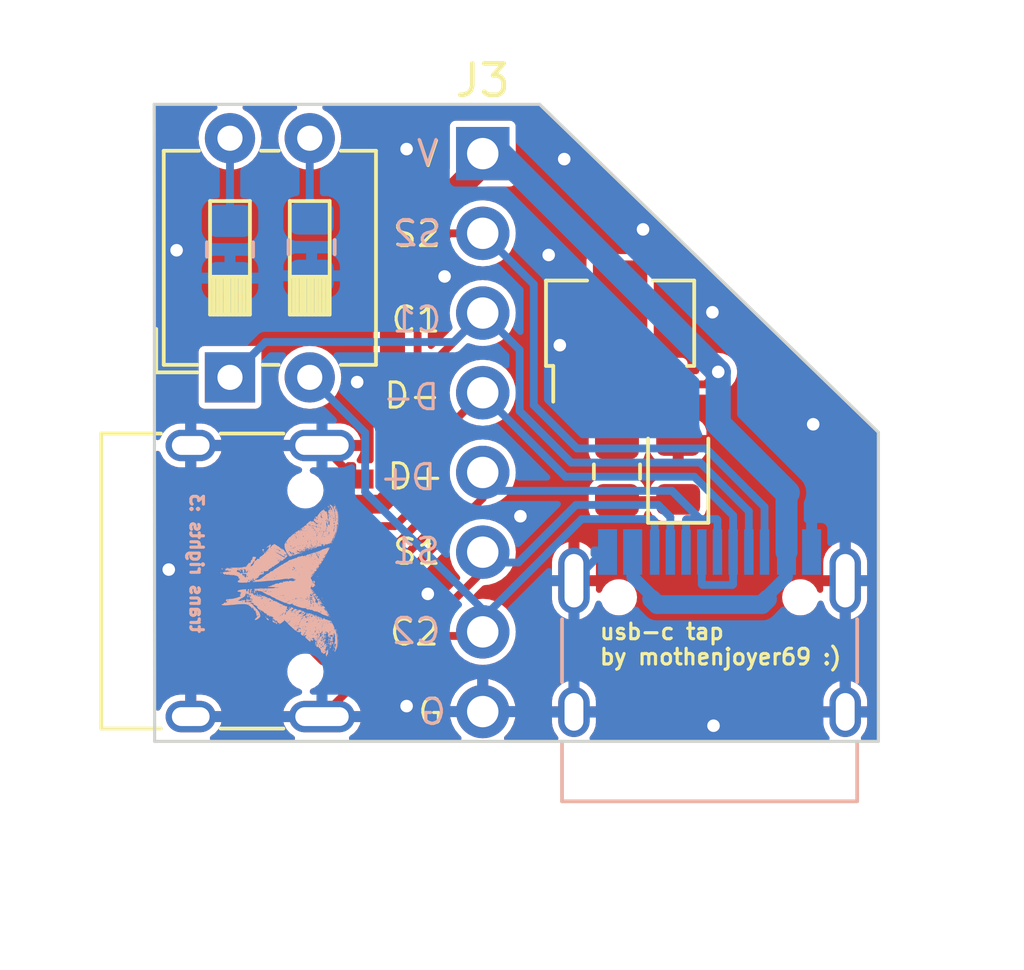
<source format=kicad_pcb>
(kicad_pcb (version 20221018) (generator pcbnew)
  (layers (0 "F.Cu" signal) (31 "B.Cu" signal) (34 "B.Paste" user) (35 "F.Paste" user) (36 "B.SilkS" user "B.Silkscreen") (37 "F.SilkS" user "F.Silkscreen") (38 "B.Mask" user) (39 "F.Mask" user) (44 "Edge.Cuts" user))
  (net 0 "")
  (net 1 "GND")
  (net 2 "/VBUS")
  (net 3 "/CC1")
  (net 4 "/USB_P+")
  (net 5 "/USB_N-")
  (net 6 "/SBU1")
  (net 7 "/CC2")
  (net 8 "/SBU2")
  (net 9 "Net-(R1-Pad1)")
  (net 10 "Net-(R2-Pad1)")
  (net 11 "Net-(D1-K)")
  (net 12 "Net-(U1-VO)")
  (footprint "Connector_USB:USB_C_Receptacle_HRO_TYPE-C-31-M-12" (layer "F.Cu") (at 95.425 66.465 -90)
    (fp_text reference "J2" hide)
    (fp_text value "USB_C_Receptacle" hide)
  )
  (footprint "Button_Switch_THT:SW_DIP_SPSTx02_Slide_6.7x6.64mm_W7.62mm_P2.54mm_LowProfile" (layer "F.Cu") (at 95.625 59.975 90)
    (fp_text reference "SW1" hide)
    (fp_text value "SW_DIP_x02" hide)
  )
  (footprint "Package_TO_SOT_SMD:SOT-89-3" (layer "F.Cu") (at 108.05 58.25 90)
    (fp_text reference "U1" hide)
    (fp_text value "AZ1117-3.3" hide)
  )
  (footprint "Connector_PinHeader_2.54mm:PinHeader_1x08_P2.54mm_Vertical" (layer "F.Cu") (at 103.675 52.845)
    (fp_text reference "J3")
    (fp_text value "Conn_01x08_Pin" hide)
  )
  (footprint "LED_SMD:LED_0805_2012Metric" (layer "F.Cu") (at 109.9 62.925 90)
    (fp_text reference "D1" hide)
    (fp_text value "LED" hide)
  )
  (footprint "Resistor_SMD:R_0805_2012Metric" (layer "F.Cu") (at 107.95 62.975 -90)
    (fp_text reference "R3" hide)
    (fp_text value "2.2k" hide)
  )
  (footprint "Connector_USB:USB_C_Receptacle_HRO_TYPE-C-31-M-12" (layer "B.Cu") (at 110.9 69.585 180)
    (fp_text reference "J1" hide)
    (fp_text value "USB_C_Receptacle" hide)
  )
  (footprint "Resistor_SMD:R_0805_2012Metric" (layer "B.Cu") (at 95.625 55.9 -90)
    (fp_text reference "R2" hide)
    (fp_text value "5.1k" hide)
  )
  (footprint "Resistor_SMD:R_0805_2012Metric" (layer "B.Cu") (at 98.225 55.825 -90)
    (fp_text reference "R1" hide)
    (fp_text value "5.1k" hide)
  )
  (gr_poly (pts (xy 96.326156 66.814604) (xy 96.326135 66.814936) (xy 96.326101 66.815263) (xy 96.326053 66.815585) (xy 96.325992 66.815902) (xy 96.325918 66.816214) (xy 96.325831 66.816519) (xy 96.325732 66.816818) (xy 96.325621 66.817109) (xy 96.325497 66.817393) (xy 96.325361 66.817669) (xy 96.325214 66.817937) (xy 96.325056 66.818196) (xy 96.324886 66.818446) (xy 96.324705 66.818686) (xy 96.324514 66.818917) (xy 96.324312 66.819136) (xy 96.3241 66.819345) (xy 96.323877 66.819542) (xy 96.323645 66.819727) (xy 96.323403 66.8199) (xy 96.323151 66.82006) (xy 96.322891 66.820207) (xy 96.322621 66.820341) (xy 96.322343 66.82046) (xy 96.322056 66.820565) (xy 96.32176 66.820655) (xy 96.321457 66.82073) (xy 96.321145 66.820789) (xy 96.320826 66.820831) (xy 96.3205 66.820857) (xy 96.320166 66.820866) (xy 96.319885 66.820862) (xy 96.319604 66.820852) (xy 96.319325 66.820835) (xy 96.319047 66.820812) (xy 96.318772 66.820782) (xy 96.318499 66.820747) (xy 96.31823 66.820706) (xy 96.317964 66.820659) (xy 96.317446 66.820551) (xy 96.316951 66.820423) (xy 96.316713 66.820352) (xy 96.316482 66.820277) (xy 96.316258 66.820199) (xy 96.316043 66.820116) (xy 96.315837 66.82003) (xy 96.31564 66.819941) (xy 96.315453 66.819848) (xy 96.315276 66.819753) (xy 96.31511 66.819655) (xy 96.314956 66.819555) (xy 96.314814 66.819452) (xy 96.314684 66.819348) (xy 96.314568 66.819241) (xy 96.314466 66.819134) (xy 96.314377 66.819025) (xy 96.314304 66.818914) (xy 96.314246 66.818803) (xy 96.314203 66.818692) (xy 96.314178 66.818579) (xy 96.314169 66.818467) (xy 96.314178 66.818295) (xy 96.314203 66.818116) (xy 96.314246 66.817931) (xy 96.314304 66.817741) (xy 96.314466 66.817344) (xy 96.314684 66.81693) (xy 96.314956 66.816502) (xy 96.315276 66.816063) (xy 96.31564 66.815617) (xy 96.316043 66.815168) (xy 96.316482 66.814719) (xy 96.316951 66.814273) (xy 96.317446 66.813835) (xy 96.317964 66.813406) (xy 96.318499 66.812992) (xy 96.319047 66.812596) (xy 96.319604 66.81222) (xy 96.320166 66.81187) (xy 96.3205 66.81171) (xy 96.320826 66.811567) (xy 96.321145 66.811442) (xy 96.321457 66.811333) (xy 96.32176 66.811241) (xy 96.322056 66.811166) (xy 96.322343 66.811107) (xy 96.322621 66.811064) (xy 96.322891 66.811037) (xy 96.323151 66.811025) (xy 96.323403 66.811029) (xy 96.323645 66.811048) (xy 96.323877 66.811081) (xy 96.3241 66.81113) (xy 96.324312 66.811193) (xy 96.324514 66.81127) (xy 96.324705 66.811361) (xy 96.324886 66.811467) (xy 96.325056 66.811585) (xy 96.325214 66.811718) (xy 96.325361 66.811863) (xy 96.325497 66.812021) (xy 96.325621 66.812192) (xy 96.325732 66.812376) (xy 96.325831 66.812572) (xy 96.325918 66.81278) (xy 96.325992 66.813) (xy 96.326053 66.813231) (xy 96.326101 66.813474) (xy 96.326135 66.813728) (xy 96.326156 66.813993) (xy 96.326163 66.814269)) (fill solid) (layer "B.SilkS"))
  (gr_poly (pts (xy 95.36 66.22) (xy 95.359969 66.220056) (xy 95.359847 66.220168) (xy 95.359647 66.220277) (xy 95.359374 66.220384) (xy 95.35903 66.220488) (xy 95.358619 66.220587) (xy 95.357612 66.220768) (xy 95.35638 66.220922) (xy 95.354951 66.22104) (xy 95.353353 66.221116) (xy 95.351615 66.221143) (xy 95.351167 66.221131) (xy 95.350723 66.221095) (xy 95.350284 66.221036) (xy 95.349851 66.220954) (xy 95.349423 66.22085) (xy 95.349003 66.220724) (xy 95.34859 66.220578) (xy 95.348185 66.220412) (xy 95.347789 66.220227) (xy 95.347402 66.220023) (xy 95.347026 66.219801) (xy 95.34666 66.219562) (xy 95.346305 66.219306) (xy 95.345963 66.219034) (xy 95.345634 66.218747) (xy 95.345317 66.218445) (xy 95.345015 66.218128) (xy 95.344728 66.217799) (xy 95.344456 66.217457) (xy 95.3442 66.217102) (xy 95.343961 66.216737) (xy 95.343739 66.21636) (xy 95.343535 66.215973) (xy 95.34335 66.215577) (xy 95.343184 66.215172) (xy 95.343038 66.214759) (xy 95.342912 66.214339) (xy 95.342808 66.213912) (xy 95.342726 66.213478) (xy 95.342667 66.213039) (xy 95.342631 66.212595) (xy 95.342619 66.212148) (xy 95.342608 66.211705) (xy 95.342577 66.211277) (xy 95.342526 66.210863) (xy 95.342455 66.210464) (xy 95.342364 66.210081) (xy 95.342255 66.209714) (xy 95.342127 66.209362) (xy 95.341981 66.209027) (xy 95.341818 66.208709) (xy 95.341638 66.208407) (xy 95.341441 66.208123) (xy 95.341227 66.207857) (xy 95.340998 66.207609) (xy 95.340753 66.207379) (xy 95.340494 66.207167) (xy 95.34022 66.206975) (xy 95.339932 66.206802) (xy 95.33963 66.206649) (xy 95.339315 66.206515) (xy 95.338988 66.206402) (xy 95.338648 66.20631) (xy 95.338296 66.206238) (xy 95.337933 66.206188) (xy 95.337559 66.20616) (xy 95.337174 66.206153) (xy 95.336779 66.206169) (xy 95.336375 66.206207) (xy 95.335961 66.206269) (xy 95.335538 66.206353) (xy 95.335107 66.206461) (xy 95.334669 66.206594) (xy 95.334222 66.20675) (xy 95.333826 66.206905) (xy 95.333422 66.207032) (xy 95.333014 66.207132) (xy 95.332601 66.207206) (xy 95.332185 66.207253) (xy 95.331766 66.207276) (xy 95.331346 66.207273) (xy 95.330924 66.207247) (xy 95.330503 66.207196) (xy 95.330082 66.207123) (xy 95.329663 66.207026) (xy 95.329247 66.206908) (xy 95.328834 66.206768) (xy 95.328426 66.206608) (xy 95.328023 66.206426) (xy 95.327626 66.206225) (xy 95.327236 66.206005) (xy 95.326854 66.205766) (xy 95.326481 66.205508) (xy 95.326117 66.205233) (xy 95.325764 66.204941) (xy 95.325422 66.204632) (xy 95.325093 66.204307) (xy 95.324777 66.203967) (xy 95.324475 66.203612) (xy 95.324188 66.203242) (xy 95.323916 66.202859) (xy 95.323662 66.202462) (xy 95.323425 66.202052) (xy 95.323206 66.201631) (xy 95.323007 66.201197) (xy 95.322827 66.200753) (xy 95.322362 66.199347) (xy 95.322084 66.198053) (xy 95.321982 66.196868) (xy 95.322049 66.195792) (xy 95.322273 66.194824) (xy 95.322645 66.193962) (xy 95.323155 66.193206) (xy 95.323793 66.192553) (xy 95.32455 66.192004) (xy 95.325416 66.191556) (xy 95.326381 66.191208) (xy 95.327435 66.190959) (xy 95.328568 66.190809) (xy 95.329772 66.190755) (xy 95.331035 66.190796) (xy 95.332349 66.190932) (xy 95.333703 66.191161) (xy 95.335087 66.191482) (xy 95.336492 66.191894) (xy 95.337909 66.192395) (xy 95.339327 66.192985) (xy 95.340736 66.193661) (xy 95.342127 66.194424) (xy 95.34349 66.195271) (xy 95.344816 66.196202) (xy 95.346094 66.197214) (xy 95.347314 66.198308) (xy 95.348467 66.199482) (xy 95.349544 66.200734) (xy 95.350534 66.202064) (xy 95.351427 66.20347) (xy 95.352214 66.204951) (xy 95.35373 66.207612) (xy 95.35512 66.210161) (xy 95.356368 66.212541) (xy 95.357462 66.214696) (xy 95.358388 66.216571) (xy 95.35913 66.218107) (xy 95.360011 66.219944)) (fill solid) (layer "B.SilkS"))
  (gr_poly (pts (xy 99.048895 64.688756) (xy 99.048874 64.689251) (xy 99.04884 64.689737) (xy 99.048792 64.690215) (xy 99.048731 64.690684) (xy 99.048657 64.691143) (xy 99.04857 64.691592) (xy 99.048471 64.69203) (xy 99.04836 64.692456) (xy 99.048236 64.692871) (xy 99.048101 64.693273) (xy 99.047953 64.693661) (xy 99.047795 64.694037) (xy 99.047625 64.694398) (xy 99.047444 64.694744) (xy 99.047253 64.695075) (xy 99.047051 64.69539) (xy 99.046839 64.695689) (xy 99.046616 64.695971) (xy 99.046384 64.696236) (xy 99.046142 64.696483) (xy 99.045891 64.69671) (xy 99.04563 64.696919) (xy 99.04536 64.697109) (xy 99.045082 64.697278) (xy 99.044795 64.697426) (xy 99.044499 64.697553) (xy 99.044196 64.697658) (xy 99.043885 64.697741) (xy 99.043565 64.6978) (xy 99.043239 64.697837) (xy 99.042905 64.697849) (xy 99.042624 64.697842) (xy 99.042344 64.697821) (xy 99.042064 64.697787) (xy 99.041786 64.69774) (xy 99.041511 64.69768) (xy 99.041238 64.697608) (xy 99.040969 64.697523) (xy 99.040703 64.697427) (xy 99.040442 64.69732) (xy 99.040185 64.697201) (xy 99.039935 64.697072) (xy 99.03969 64.696932) (xy 99.039452 64.696782) (xy 99.03922 64.696622) (xy 99.038997 64.696453) (xy 99.038782 64.696275) (xy 99.038576 64.696088) (xy 99.038379 64.695892) (xy 99.038191 64.695688) (xy 99.038015 64.695477) (xy 99.037849 64.695258) (xy 99.037695 64.695032) (xy 99.037553 64.694799) (xy 99.037423 64.69456) (xy 99.037307 64.694314) (xy 99.037204 64.694063) (xy 99.037116 64.693806) (xy 99.037042 64.693544) (xy 99.036984 64.693277) (xy 99.036942 64.693006) (xy 99.036916 64.692731) (xy 99.036908 64.692451) (xy 99.036916 64.692112) (xy 99.036942 64.69177) (xy 99.036984 64.691426) (xy 99.037042 64.69108) (xy 99.037116 64.690732) (xy 99.037204 64.690384) (xy 99.037307 64.690035) (xy 99.037423 64.689687) (xy 99.037553 64.68934) (xy 99.037695 64.688994) (xy 99.038015 64.688308) (xy 99.038379 64.687635) (xy 99.038782 64.686979) (xy 99.03922 64.686344) (xy 99.03969 64.685734) (xy 99.040185 64.685154) (xy 99.040703 64.684608) (xy 99.041238 64.684101) (xy 99.041786 64.683637) (xy 99.042344 64.683221) (xy 99.042905 64.682856) (xy 99.043239 64.682699) (xy 99.043565 64.682567) (xy 99.043885 64.682459) (xy 99.044196 64.682374) (xy 99.044499 64.682313) (xy 99.044795 64.682275) (xy 99.045082 64.682259) (xy 99.04536 64.682265) (xy 99.04563 64.682294) (xy 99.045891 64.682344) (xy 99.046142 64.682416) (xy 99.046384 64.682508) (xy 99.046616 64.682621) (xy 99.046839 64.682754) (xy 99.047051 64.682908) (xy 99.047253 64.683081) (xy 99.047444 64.683273) (xy 99.047625 64.683484) (xy 99.047795 64.683714) (xy 99.047953 64.683963) (xy 99.048101 64.684229) (xy 99.048236 64.684513) (xy 99.04836 64.684815) (xy 99.048471 64.685133) (xy 99.04857 64.685468) (xy 99.048657 64.68582) (xy 99.048731 64.686187) (xy 99.048792 64.68657) (xy 99.04884 64.686969) (xy 99.048874 64.687382) (xy 99.048902 64.688253)) (fill solid) (layer "B.SilkS"))
  (gr_poly (pts (xy 96.80532 67.593326) (xy 96.805257 67.593523) (xy 96.80521 67.593603) (xy 96.805152 67.593672) (xy 96.805083 67.59373) (xy 96.805004 67.593775) (xy 96.804814 67.593832) (xy 96.804582 67.593843) (xy 96.804308 67.593809) (xy 96.803992 67.59373) (xy 96.803633 67.593605) (xy 96.803233 67.593437) (xy 96.80279 67.593224) (xy 96.802305 67.592967) (xy 96.801778 67.592667) (xy 96.801209 67.592323) (xy 96.799944 67.591509) (xy 96.799382 67.59113) (xy 96.798825 67.590676) (xy 96.798277 67.590153) (xy 96.797742 67.589569) (xy 96.797224 67.588932) (xy 96.796728 67.588251) (xy 96.796259 67.587533) (xy 96.795821 67.586786) (xy 96.795417 67.586018) (xy 96.795053 67.585236) (xy 96.794733 67.584449) (xy 96.794462 67.583665) (xy 96.794243 67.582892) (xy 96.794081 67.582137) (xy 96.793981 67.581408) (xy 96.793946 67.580714) (xy 96.793953 67.580334) (xy 96.793974 67.579983) (xy 96.794009 67.579659) (xy 96.794057 67.579364) (xy 96.794118 67.579097) (xy 96.794192 67.578858) (xy 96.794278 67.578647) (xy 96.794378 67.578465) (xy 96.794489 67.57831) (xy 96.794613 67.578184) (xy 96.794748 67.578085) (xy 96.794895 67.578015) (xy 96.795054 67.577973) (xy 96.795224 67.577959) (xy 96.795404 67.577973) (xy 96.795596 67.578015) (xy 96.795798 67.578085) (xy 96.79601 67.578184) (xy 96.796233 67.57831) (xy 96.796465 67.578465) (xy 96.796707 67.578648) (xy 96.796958 67.578858) (xy 96.797219 67.579097) (xy 96.797489 67.579364) (xy 96.797767 67.57966) (xy 96.798054 67.579983) (xy 96.798653 67.580714) (xy 96.799283 67.581557) (xy 96.799944 67.582513) (xy 96.801209 67.584544) (xy 96.802305 67.586368) (xy 96.803233 67.587986) (xy 96.803992 67.5894) (xy 96.804308 67.590033) (xy 96.804582 67.590615) (xy 96.804814 67.591148) (xy 96.805004 67.591632) (xy 96.805152 67.592067) (xy 96.805257 67.592454) (xy 96.80532 67.592792) (xy 96.805341 67.593083)) (fill solid) (layer "B.SilkS"))
  (gr_poly (pts (xy 96.344253 66.814619) (xy 96.344155 66.815393) (xy 96.343972 66.816052) (xy 96.343706 66.816595) (xy 96.343542 66.816822) (xy 96.343357 66.817019) (xy 96.343151 66.817186) (xy 96.342925 66.817322) (xy 96.342679 66.817428) (xy 96.342412 66.817502) (xy 96.341817 66.817555) (xy 96.341143 66.817481) (xy 96.340388 66.817277) (xy 96.339554 66.816939) (xy 96.338642 66.816467) (xy 96.337653 66.815857) (xy 96.336586 66.815108) (xy 96.335443 66.814217) (xy 96.334224 66.813182) (xy 96.332929 66.812001) (xy 96.331561 66.81067) (xy 96.329951 66.809103) (xy 96.328493 66.807549) (xy 96.327185 66.806007) (xy 96.326023 66.804476) (xy 96.325005 66.802956) (xy 96.324129 66.801446) (xy 96.323391 66.799945) (xy 96.32279 66.798451) (xy 96.322322 66.796964) (xy 96.322137 66.796224) (xy 96.321985 66.795484) (xy 96.321865 66.794746) (xy 96.321777 66.794009) (xy 96.321694 66.792538) (xy 96.321734 66.791071) (xy 96.321894 66.789606) (xy 96.322172 66.788143) (xy 96.322565 66.786681) (xy 96.323319 66.784996) (xy 96.324016 66.783541) (xy 96.32467 66.782324) (xy 96.324984 66.781806) (xy 96.325292 66.78135) (xy 96.325596 66.780956) (xy 96.325897 66.780625) (xy 96.326197 66.780358) (xy 96.326497 66.780156) (xy 96.3268 66.780019) (xy 96.327107 66.779949) (xy 96.327419 66.779945) (xy 96.327738 66.78001) (xy 96.328066 66.780142) (xy 96.328404 66.780344) (xy 96.328755 66.780617) (xy 96.329119 66.78096) (xy 96.329498 66.781374) (xy 96.329895 66.781861) (xy 96.330746 66.783055) (xy 96.331684 66.784548) (xy 96.332724 66.786345) (xy 96.333878 66.788454) (xy 96.335159 66.79088) (xy 96.336405 66.793089) (xy 96.337557 66.79522) (xy 96.338615 66.797268) (xy 96.33958 66.799232) (xy 96.340453 66.80111) (xy 96.341234 66.802899) (xy 96.341924 66.804596) (xy 96.342525 66.806201) (xy 96.343035 66.807709) (xy 96.343457 66.809119) (xy 96.34379 66.810429) (xy 96.344036 66.811637) (xy 96.344194 66.812739) (xy 96.344267 66.813734)) (fill solid) (layer "B.SilkS"))
  (gr_poly (pts (xy 96.705741 65.531922) (xy 96.705655 65.53259) (xy 96.705504 65.533283) (xy 96.705291 65.534002) (xy 96.705018 65.534748) (xy 96.704689 65.535526) (xy 96.704306 65.536335) (xy 96.703871 65.537179) (xy 96.703389 65.53806) (xy 96.702719 65.539367) (xy 96.702062 65.54059) (xy 96.701417 65.541729) (xy 96.700786 65.542785) (xy 96.70017 65.543757) (xy 96.69957 65.544646) (xy 96.698987 65.545452) (xy 96.698422 65.546175) (xy 96.697877 65.546815) (xy 96.697352 65.547373) (xy 96.696848 65.547849) (xy 96.696368 65.548243) (xy 96.695911 65.548556) (xy 96.695478 65.548787) (xy 96.695072 65.548936) (xy 96.694693 65.549005) (xy 96.694341 65.548992) (xy 96.69402 65.5489) (xy 96.693728 65.548726) (xy 96.693468 65.548473) (xy 96.69324 65.54814) (xy 96.693046 65.547726) (xy 96.692886 65.547234) (xy 96.692762 65.546662) (xy 96.692676 65.546011) (xy 96.692627 65.545281) (xy 96.692617 65.544473) (xy 96.692648 65.543586) (xy 96.69272 65.542621) (xy 96.692834 65.541578) (xy 96.692991 65.540457) (xy 96.693194 65.539259) (xy 96.693296 65.538702) (xy 96.693377 65.538157) (xy 96.693439 65.537622) (xy 96.693481 65.5371) (xy 96.693504 65.536591) (xy 96.693509 65.536095) (xy 96.693496 65.535613) (xy 96.693465 65.535146) (xy 96.693418 65.534693) (xy 96.693355 65.534255) (xy 96.693277 65.533834) (xy 96.693183 65.53343) (xy 96.693075 65.533042) (xy 96.692953 65.532672) (xy 96.692817 65.53232) (xy 96.692669 65.531988) (xy 96.692508 65.531674) (xy 96.692336 65.53138) (xy 96.692152 65.531107) (xy 96.691958 65.530855) (xy 96.691753 65.530624) (xy 96.691539 65.530416) (xy 96.691316 65.530229) (xy 96.691085 65.530067) (xy 96.690846 65.529927) (xy 96.690599 65.529813) (xy 96.690346 65.529723) (xy 96.690086 65.529658) (xy 96.68982 65.529619) (xy 96.68955 65.529607) (xy 96.689275 65.529621) (xy 96.688995 65.529664) (xy 96.688252 65.529714) (xy 96.68738 65.529644) (xy 96.68639 65.529459) (xy 96.685294 65.529167) (xy 96.684103 65.528773) (xy 96.682828 65.528283) (xy 96.681482 65.527703) (xy 96.680074 65.52704) (xy 96.678618 65.526299) (xy 96.677124 65.525488) (xy 96.675603 65.524611) (xy 96.674068 65.523676) (xy 96.672529 65.522688) (xy 96.670998 65.521653) (xy 96.669486 65.520578) (xy 96.668005 65.519468) (xy 96.663111 65.515726) (xy 96.659778 65.513031) (xy 96.658744 65.512069) (xy 96.658159 65.511362) (xy 96.65804 65.511102) (xy 96.658041 65.510905) (xy 96.658163 65.51077) (xy 96.65841 65.510697) (xy 96.659284 65.510736) (xy 96.660684 65.511017) (xy 96.662629 65.511539) (xy 96.665138 65.5123) (xy 96.671924 65.514524) (xy 96.681199 65.517669) (xy 96.685658 65.519078) (xy 96.689606 65.52039) (xy 96.693063 65.521624) (xy 96.694614 65.522216) (xy 96.696051 65.522795) (xy 96.697377 65.523362) (xy 96.698594 65.52392) (xy 96.699705 65.524471) (xy 96.700712 65.525017) (xy 96.701619 65.52556) (xy 96.702428 65.526101) (xy 96.703142 65.526644) (xy 96.703764 65.52719) (xy 96.704296 65.527741) (xy 96.704741 65.528299) (xy 96.705102 65.528867) (xy 96.705381 65.529447) (xy 96.705582 65.53004) (xy 96.705707 65.530649) (xy 96.705759 65.531276)) (fill solid) (layer "B.SilkS"))
  (gr_poly (pts (xy 98.604633 67.243348) (xy 98.604608 67.24362) (xy 98.604566 67.24388) (xy 98.60451 67.244129) (xy 98.604437 67.244366) (xy 98.60435 67.244591) (xy 98.604246 67.244805) (xy 98.604127 67.245007) (xy 98.603993 67.245197) (xy 98.603843 67.245376) (xy 98.603677 67.245543) (xy 98.603496 67.245698) (xy 98.603299 67.245842) (xy 98.603086 67.245974) (xy 98.602858 67.246095) (xy 98.602354 67.246302) (xy 98.601788 67.246462) (xy 98.601158 67.246577) (xy 98.600466 67.246646) (xy 98.599711 67.246668) (xy 98.599423 67.246642) (xy 98.599121 67.246565) (xy 98.598807 67.246438) (xy 98.598482 67.246262) (xy 98.597798 67.245771) (xy 98.597077 67.245104) (xy 98.596325 67.244271) (xy 98.595546 67.243284) (xy 98.594749 67.242156) (xy 98.593938 67.240896) (xy 98.59312 67.239517) (xy 98.592302 67.23803) (xy 98.591488 67.236446) (xy 98.590686 67.234777) (xy 98.589902 67.233034) (xy 98.589141 67.231229) (xy 98.588411 67.229373) (xy 98.587716 67.227477) (xy 98.581119 67.207686) (xy 98.593113 67.222679) (xy 98.594264 67.224173) (xy 98.595355 67.225617) (xy 98.596386 67.227013) (xy 98.597357 67.228359) (xy 98.598268 67.229657) (xy 98.599118 67.230906) (xy 98.599908 67.232107) (xy 98.600638 67.233259) (xy 98.601307 67.234363) (xy 98.601915 67.235418) (xy 98.602463 67.236426) (xy 98.602949 67.237386) (xy 98.603374 67.238297) (xy 98.603739 67.239161) (xy 98.604042 67.239977) (xy 98.604283 67.240746) (xy 98.604463 67.241467) (xy 98.604582 67.242141) (xy 98.604639 67.242768)) (fill solid) (layer "B.SilkS"))
  (gr_poly (pts (xy 97.532352 67.312876) (xy 97.532282 67.313316) (xy 97.532172 67.313741) (xy 97.532021 67.314152) (xy 97.531829 67.314548) (xy 97.531596 67.314927) (xy 97.531322 67.31529) (xy 97.531005 67.315636) (xy 97.530659 67.315954) (xy 97.530296 67.316234) (xy 97.529915 67.316475) (xy 97.529518 67.316679) (xy 97.529104 67.316845) (xy 97.528673 67.316973) (xy 97.528226 67.317063) (xy 97.527763 67.317117) (xy 97.527284 67.317134) (xy 97.52679 67.317114) (xy 97.52628 67.317057) (xy 97.525755 67.316965) (xy 97.525216 67.316836) (xy 97.524661 67.316672) (xy 97.523509 67.316236) (xy 97.5223 67.31566) (xy 97.521037 67.314945) (xy 97.519722 67.314094) (xy 97.518355 67.313106) (xy 97.516939 67.311986) (xy 97.515476 67.310733) (xy 97.513967 67.309351) (xy 97.512414 67.30784) (xy 97.510908 67.306294) (xy 97.509537 67.304807) (xy 97.508299 67.303381) (xy 97.507193 67.302017) (xy 97.506217 67.30072) (xy 97.505368 67.299489) (xy 97.504645 67.298329) (xy 97.504046 67.297242) (xy 97.503569 67.296229) (xy 97.503212 67.295293) (xy 97.502974 67.294436) (xy 97.502852 67.293661) (xy 97.502845 67.29297) (xy 97.502951 67.292365) (xy 97.503168 67.291848) (xy 97.503493 67.291423) (xy 97.503926 67.29109) (xy 97.504464 67.290853) (xy 97.505106 67.290714) (xy 97.505849 67.290674) (xy 97.506692 67.290737) (xy 97.507632 67.290905) (xy 97.508669 67.291179) (xy 97.5098 67.291563) (xy 97.511023 67.292059) (xy 97.512336 67.292668) (xy 97.513738 67.293394) (xy 97.515226 67.294237) (xy 97.5168 67.295202) (xy 97.518456 67.29629) (xy 97.520193 67.297503) (xy 97.52201 67.298844) (xy 97.523633 67.30008) (xy 97.525126 67.301312) (xy 97.526489 67.302535) (xy 97.527119 67.303142) (xy 97.527716 67.303745) (xy 97.528279 67.304344) (xy 97.528807 67.304937) (xy 97.5293 67.305526) (xy 97.529758 67.306108) (xy 97.53018 67.306683) (xy 97.530566 67.307252) (xy 97.530917 67.307812) (xy 97.53123 67.308365) (xy 97.531507 67.308909) (xy 97.531746 67.309443) (xy 97.531948 67.309967) (xy 97.532112 67.310481) (xy 97.532238 67.310984) (xy 97.532325 67.311476) (xy 97.532374 67.311955) (xy 97.532383 67.312422)) (fill solid) (layer "B.SilkS"))
  (gr_poly (pts (xy 98.803936 65.39711) (xy 98.799915 65.40881) (xy 98.790229 65.430055) (xy 98.774155 65.46227) (xy 98.719945 65.565319) (xy 98.631496 65.729371) (xy 98.617299 65.754404) (xy 98.597761 65.78716) (xy 98.575075 65.824175) (xy 98.551433 65.861985) (xy 98.529028 65.897123) (xy 98.510052 65.926127) (xy 98.496699 65.94553) (xy 98.492816 65.950549) (xy 98.491692 65.951698) (xy 98.49116 65.951868) (xy 98.4904 65.95083) (xy 98.489584 65.949851) (xy 98.488716 65.948933) (xy 98.487799 65.948075) (xy 98.486837 65.947278) (xy 98.485834 65.946542) (xy 98.484794 65.945866) (xy 98.48372 65.945252) (xy 98.482617 65.9447) (xy 98.481487 65.944209) (xy 98.480335 65.94378) (xy 98.479164 65.943413) (xy 98.477978 65.943109) (xy 98.476781 65.942867) (xy 98.475577 65.942688) (xy 98.474368 65.942572) (xy 98.47316 65.94252) (xy 98.471956 65.942531) (xy 98.470759 65.942605) (xy 98.469573 65.942743) (xy 98.468402 65.942946) (xy 98.46725 65.943213) (xy 98.46612 65.943544) (xy 98.465017 65.943941) (xy 98.463943 65.944402) (xy 98.462903 65.944928) (xy 98.4619 65.94552) (xy 98.460938 65.946178) (xy 98.460021 65.946901) (xy 98.459153 65.947691) (xy 98.458336 65.948547) (xy 98.457576 65.949469) (xy 98.456598 65.95081) (xy 98.455686 65.952133) (xy 98.45484 65.953439) (xy 98.454061 65.954727) (xy 98.453348 65.955999) (xy 98.452702 65.957253) (xy 98.452122 65.958491) (xy 98.451607 65.959711) (xy 98.451159 65.960915) (xy 98.450776 65.962103) (xy 98.450459 65.963274) (xy 98.450207 65.964428) (xy 98.450021 65.965567) (xy 98.449901 65.966689) (xy 98.449845 65.967795) (xy 98.449855 65.968885) (xy 98.449929 65.96996) (xy 98.450069 65.971018) (xy 98.450273 65.972061) (xy 98.450542 65.973089) (xy 98.450876 65.974101) (xy 98.451274 65.975098) (xy 98.451736 65.97608) (xy 98.452263 65.977047) (xy 98.452854 65.977999) (xy 98.453509 65.978936) (xy 98.454227 65.979858) (xy 98.45501 65.980766) (xy 98.455856 65.981659) (xy 98.456766 65.982538) (xy 98.457739 65.983403) (xy 98.458776 65.984253) (xy 98.460616 65.985788) (xy 98.461398 65.986612) (xy 98.462086 65.987478) (xy 98.46268 65.988386) (xy 98.46318 65.989338) (xy 98.463584 65.990337) (xy 98.463892 65.991384) (xy 98.464104 65.992481) (xy 98.464218 65.99363) (xy 98.464234 65.994833) (xy 98.464152 65.996092) (xy 98.463971 65.997408) (xy 98.463689 65.998783) (xy 98.462824 66.00172) (xy 98.461551 66.004917) (xy 98.459865 66.008388) (xy 98.457761 66.01215) (xy 98.455234 66.016216) (xy 98.452278 66.020603) (xy 98.448887 66.025323) (xy 98.445058 66.030394) (xy 98.440784 66.035829) (xy 98.437987 66.039183) (xy 98.435049 66.042867) (xy 98.432055 66.046761) (xy 98.429089 66.050747) (xy 98.426236 66.054705) (xy 98.423579 66.058516) (xy 98.421204 66.062059) (xy 98.419194 66.065216) (xy 98.415958 66.069814) (xy 98.412307 66.074792) (xy 98.408557 66.079742) (xy 98.405026 66.084257) (xy 98.402028 66.087928) (xy 98.400829 66.08932) (xy 98.399881 66.090348) (xy 98.399225 66.090961) (xy 98.399019 66.091096) (xy 98.398901 66.091109) (xy 98.398875 66.090992) (xy 98.398947 66.09074) (xy 98.399403 66.089804) (xy 98.399505 66.089681) (xy 98.399586 66.089538) (xy 98.399648 66.089375) (xy 98.399689 66.089194) (xy 98.399711 66.088994) (xy 98.399714 66.088778) (xy 98.399666 66.088295) (xy 98.399547 66.087754) (xy 98.399361 66.087158) (xy 98.399112 66.086515) (xy 98.398803 66.085831) (xy 98.398439 66.085112) (xy 98.398021 66.084363) (xy 98.397554 66.083592) (xy 98.397042 66.082804) (xy 98.396487 66.082006) (xy 98.395894 66.081203) (xy 98.395266 66.080402) (xy 98.394606 66.079609) (xy 98.393862 66.078652) (xy 98.393205 66.077694) (xy 98.392631 66.076739) (xy 98.392141 66.075789) (xy 98.391731 66.074848) (xy 98.391401 66.073918) (xy 98.391147 66.073002) (xy 98.39097 66.072103) (xy 98.390866 66.071225) (xy 98.390834 66.070369) (xy 98.390872 66.06954) (xy 98.390979 66.06874) (xy 98.391153 66.067972) (xy 98.391391 66.067239) (xy 98.391693 66.066544) (xy 98.392057 66.06589) (xy 98.39248 66.06528) (xy 98.392961 66.064717) (xy 98.393498 66.064204) (xy 98.39409 66.063743) (xy 98.394735 66.063339) (xy 98.39543 66.062993) (xy 98.396175 66.062708) (xy 98.396967 66.062489) (xy 98.397805 66.062337) (xy 98.398686 66.062256) (xy 98.39961 66.062248) (xy 98.400575 66.062317) (xy 98.401577 66.062465) (xy 98.402617 66.062696) (xy 98.403692 66.063012) (xy 98.404801 66.063416) (xy 98.406186 66.063915) (xy 98.40742 66.064284) (xy 98.407981 66.06442) (xy 98.408506 66.064522) (xy 98.408995 66.064591) (xy 98.409449 66.064625) (xy 98.409867 66.064626) (xy 98.41025 66.064591) (xy 98.4106 66.064522) (xy 98.410915 66.064418) (xy 98.411197 66.064278) (xy 98.411446 66.064102) (xy 98.411663 66.06389) (xy 98.411847 66.063641) (xy 98.412 66.063356) (xy 98.412122 66.063033) (xy 98.412213 66.062673) (xy 98.412274 66.062274) (xy 98.412305 66.061838) (xy 98.412306 66.061363) (xy 98.412278 66.060849) (xy 98.412222 66.060296) (xy 98.412026 66.059071) (xy 98.411721 66.057685) (xy 98.41131 66.056136) (xy 98.410798 66.054421) (xy 98.410293 66.052697) (xy 98.409905 66.051121) (xy 98.409758 66.050385) (xy 98.409641 66.049683) (xy 98.409557 66.049014) (xy 98.409505 66.048376) (xy 98.409487 66.04777) (xy 98.409502 66.047193) (xy 98.409553 66.046644) (xy 98.409638 66.046124) (xy 98.40976 66.04563) (xy 98.409919 66.045163) (xy 98.410114 66.044719) (xy 98.410348 66.0443) (xy 98.410621 66.043904) (xy 98.410932 66.043529) (xy 98.411284 66.043176) (xy 98.411676 66.042842) (xy 98.41211 66.042527) (xy 98.412586 66.04223) (xy 98.413104 66.04195) (xy 98.413665 66.041686) (xy 98.414271 66.041437) (xy 98.414921 66.041201) (xy 98.415616 66.040979) (xy 98.416357 66.040769) (xy 98.41798 66.04038) (xy 98.419794 66.040027) (xy 98.421142 66.039768) (xy 98.422482 66.039444) (xy 98.423806 66.03906) (xy 98.425107 66.038622) (xy 98.426376 66.038134) (xy 98.427605 66.037603) (xy 98.428787 66.037032) (xy 98.429914 66.036429) (xy 98.430977 66.035797) (xy 98.43197 66.035143) (xy 98.432883 66.034471) (xy 98.433709 66.033786) (xy 98.43444 66.033095) (xy 98.434768 66.032748) (xy 98.435069 66.032402) (xy 98.435342 66.032056) (xy 98.435587 66.031712) (xy 98.435802 66.03137) (xy 98.435986 66.031032) (xy 98.436076 66.030372) (xy 98.435908 66.02985) (xy 98.435495 66.029461) (xy 98.434852 66.0292) (xy 98.433996 66.029059) (xy 98.432939 66.029034) (xy 98.430289 66.029307) (xy 98.42702 66.029974) (xy 98.423251 66.030989) (xy 98.419104 66.032306) (xy 98.414696 66.03388) (xy 98.410148 66.035665) (xy 98.405578 66.037614) (xy 98.401107 66.039683) (xy 98.396854 66.041826) (xy 98.392939 66.043997) (xy 98.38948 66.046151) (xy 98.386597 66.048241) (xy 98.38441 66.050222) (xy 98.384009 66.05075) (xy 98.383704 66.051208) (xy 98.383586 66.051411) (xy 98.383492 66.051597) (xy 98.38342 66.051766) (xy 98.38337 66.051919) (xy 98.383342 66.052054) (xy 98.383336 66.052173) (xy 98.383351 66.052276) (xy 98.383387 66.052362) (xy 98.383444 66.052433) (xy 98.383521 66.052486) (xy 98.383618 66.052524) (xy 98.383735 66.052546) (xy 98.383871 66.052553) (xy 98.384026 66.052543) (xy 98.3842 66.052518) (xy 98.384392 66.052477) (xy 98.38483 66.05235) (xy 98.385338 66.052162) (xy 98.385912 66.051915) (xy 98.38655 66.051608) (xy 98.38725 66.051244) (xy 98.388008 66.050822) (xy 98.389295 66.050106) (xy 98.390457 66.049529) (xy 98.391498 66.049085) (xy 98.392418 66.048769) (xy 98.393222 66.048575) (xy 98.393911 66.048499) (xy 98.394486 66.048535) (xy 98.394952 66.048676) (xy 98.395309 66.048919) (xy 98.395561 66.049258) (xy 98.39571 66.049687) (xy 98.395757 66.0502) (xy 98.395705 66.050794) (xy 98.395557 66.051461) (xy 98.395314 66.052197) (xy 98.39498 66.052996) (xy 98.394045 66.054764) (xy 98.39277 66.05672) (xy 98.391173 66.058822) (xy 98.389273 66.061027) (xy 98.387089 66.063292) (xy 98.384638 66.065573) (xy 98.38194 66.067828) (xy 98.379013 66.070014) (xy 98.36222 66.082008) (xy 98.377213 66.094002) (xy 98.391607 66.105997) (xy 98.374215 66.130585) (xy 98.37047 66.136099) (xy 98.367084 66.140963) (xy 98.364021 66.145202) (xy 98.362599 66.147094) (xy 98.361246 66.148839) (xy 98.359955 66.150441) (xy 98.358724 66.151901) (xy 98.357547 66.153223) (xy 98.35642 66.15441) (xy 98.355338 66.155466) (xy 98.354298 66.156393) (xy 98.353295 66.157194) (xy 98.352325 66.157873) (xy 98.351382 66.158432) (xy 98.350464 66.158875) (xy 98.349564 66.159204) (xy 98.34868 66.159424) (xy 98.347806 66.159536) (xy 98.346938 66.159544) (xy 98.346072 66.159451) (xy 98.345203 66.15926) (xy 98.344327 66.158974) (xy 98.34344 66.158596) (xy 98.342537 66.15813) (xy 98.341614 66.157577) (xy 98.340667 66.156943) (xy 98.33969 66.156229) (xy 98.33868 66.155438) (xy 98.337632 66.154574) (xy 98.336216 66.153535) (xy 98.334879 66.152672) (xy 98.334234 66.152308) (xy 98.333602 66.151991) (xy 98.33298 66.151722) (xy 98.332366 66.151501) (xy 98.331756 66.151328) (xy 98.33115 66.151207) (xy 98.330544 66.151136) (xy 98.329936 66.151116) (xy 98.329324 66.15115) (xy 98.328705 66.151237) (xy 98.328076 66.151379) (xy 98.327437 66.151576) (xy 98.326782 66.151829) (xy 98.326112 66.152139) (xy 98.325423 66.152507) (xy 98.324712 66.152934) (xy 98.323978 66.153421) (xy 98.323217 66.153969) (xy 98.321608 66.155249) (xy 98.319865 66.156782) (xy 98.31797 66.158576) (xy 98.315902 66.160636) (xy 98.313643 66.16297) (xy 98.29865 66.179163) (xy 98.317241 66.179163) (xy 98.319025 66.179191) (xy 98.320769 66.179272) (xy 98.322465 66.179404) (xy 98.324101 66.179585) (xy 98.325666 66.179811) (xy 98.327151 66.18008) (xy 98.328544 66.18039) (xy 98.329835 66.180737) (xy 98.33044 66.180924) (xy 98.331014 66.18112) (xy 98.331558 66.181323) (xy 98.33207 66.181535) (xy 98.332549 66.181754) (xy 98.332993 66.18198) (xy 98.333401 66.182213) (xy 98.333771 66.182452) (xy 98.334103 66.182697) (xy 98.334395 66.182949) (xy 98.334645 66.183205) (xy 98.334853 66.183467) (xy 98.335017 66.183734) (xy 98.335136 66.184005) (xy 98.335209 66.184281) (xy 98.335233 66.18456) (xy 98.335188 66.185456) (xy 98.335055 66.186343) (xy 98.334837 66.187219) (xy 98.334538 66.188082) (xy 98.334162 66.188931) (xy 98.333711 66.189764) (xy 98.333189 66.190578) (xy 98.3326 66.191373) (xy 98.331946 66.192145) (xy 98.331232 66.192894) (xy 98.330461 66.193616) (xy 98.329635 66.194312) (xy 98.327836 66.195612) (xy 98.325862 66.19678) (xy 98.323741 66.1978) (xy 98.321499 66.198657) (xy 98.319164 66.199337) (xy 98.316763 66.199825) (xy 98.314324 66.200105) (xy 98.313098 66.200163) (xy 98.311873 66.200163) (xy 98.310652 66.200105) (xy 98.309438 66.199984) (xy 98.308235 66.199801) (xy 98.307046 66.199553) (xy 98.305656 66.199251) (xy 98.304195 66.199018) (xy 98.302674 66.198854) (xy 98.301105 66.198757) (xy 98.299501 66.198727) (xy 98.297874 66.198763) (xy 98.296237 66.198864) (xy 98.294602 66.199029) (xy 98.29298 66.199257) (xy 98.291385 66.199548) (xy 98.289829 66.1999) (xy 98.288323 66.200312) (xy 98.286881 66.200785) (xy 98.285514 66.201316) (xy 98.284235 66.201905) (xy 98.283057 66.202552) (xy 98.281491 66.203509) (xy 98.280172 66.20436) (xy 98.279108 66.205114) (xy 98.278306 66.205776) (xy 98.278006 66.206074) (xy 98.277775 66.206353) (xy 98.277613 66.206612) (xy 98.277522 66.206853) (xy 98.277503 66.207076) (xy 98.277556 66.207283) (xy 98.277683 66.207474) (xy 98.277884 66.20765) (xy 98.278161 66.207811) (xy 98.278515 66.20796) (xy 98.279455 66.208221) (xy 98.280714 66.20844) (xy 98.282298 66.208624) (xy 98.284216 66.20878) (xy 98.286476 66.208915) (xy 98.292053 66.209149) (xy 98.294541 66.209177) (xy 98.295712 66.209213) (xy 98.296834 66.209263) (xy 98.297908 66.209327) (xy 98.298934 66.209406) (xy 98.299912 66.2095) (xy 98.300843 66.209608) (xy 98.301725 66.209732) (xy 98.302561 66.20987) (xy 98.30335 66.210024) (xy 98.304092 66.210193) (xy 98.304787 66.210377) (xy 98.305436 66.210577) (xy 98.306039 66.210792) (xy 98.306596 66.211023) (xy 98.307107 66.21127) (xy 98.307573 66.211533) (xy 98.307994 66.211812) (xy 98.308369 66.212107) (xy 98.3087 66.212418) (xy 98.308986 66.212745) (xy 98.309228 66.213089) (xy 98.309426 66.21345) (xy 98.30958 66.213827) (xy 98.30969 66.214222) (xy 98.309756 66.214633) (xy 98.30978 66.215061) (xy 98.30976 66.215506) (xy 98.309697 66.215968) (xy 98.309592 66.216448) (xy 98.309445 66.216945) (xy 98.309313 66.217283) (xy 98.309144 66.217619) (xy 98.308699 66.218287) (xy 98.308118 66.218942) (xy 98.307411 66.219578) (xy 98.306589 66.220191) (xy 98.30566 66.220772) (xy 98.304635 66.221317) (xy 98.303523 66.221818) (xy 98.302333 66.22227) (xy 98.301076 66.222667) (xy 98.29976 66.223003) (xy 98.298397 66.22327) (xy 98.296995 66.223464) (xy 98.295563 66.223579) (xy 98.294113 66.223606) (xy 98.292653 66.223542) (xy 98.290537 66.223445) (xy 98.288684 66.223381) (xy 98.287092 66.223355) (xy 98.285756 66.223374) (xy 98.285183 66.223401) (xy 98.284673 66.223441) (xy 98.284225 66.223495) (xy 98.283839 66.223563) (xy 98.283515 66.223647) (xy 98.283252 66.223745) (xy 98.283049 66.22386) (xy 98.282907 66.223992) (xy 98.282824 66.224142) (xy 98.282801 66.224309) (xy 98.282836 66.224496) (xy 98.28293 66.224702) (xy 98.283082 66.224928) (xy 98.283292 66.225175) (xy 98.283558 66.225444) (xy 98.283882 66.225735) (xy 98.284696 66.226386) (xy 98.285732 66.227134) (xy 98.286986 66.227983) (xy 98.288455 66.22894) (xy 98.290028 66.230035) (xy 98.291368 66.231092) (xy 98.292467 66.232143) (xy 98.292924 66.232677) (xy 98.293318 66.233222) (xy 98.293648 66.233782) (xy 98.293912 66.234361) (xy 98.294111 66.234963) (xy 98.294242 66.235592) (xy 98.294305 66.236252) (xy 98.2943 66.236948) (xy 98.294224 66.237682) (xy 98.294077 66.23846) (xy 98.293858 66.239286) (xy 98.293566 66.240163) (xy 98.292759 66.242088) (xy 98.291648 66.244268) (xy 98.290226 66.246735) (xy 98.288483 66.249521) (xy 98.286413 66.25266) (xy 98.281258 66.260125) (xy 98.278468 66.264058) (xy 98.27592 66.267548) (xy 98.273574 66.270619) (xy 98.271391 66.273291) (xy 98.26933 66.275588) (xy 98.268334 66.276602) (xy 98.267353 66.27753) (xy 98.266383 66.278376) (xy 98.26542 66.279141) (xy 98.264457 66.279828) (xy 98.263491 66.280441) (xy 98.262516 66.280982) (xy 98.261527 66.281453) (xy 98.26052 66.281858) (xy 98.259489 66.282199) (xy 98.258429 66.282479) (xy 98.257336 66.282701) (xy 98.256204 66.282867) (xy 98.255029 66.28298) (xy 98.253806 66.283044) (xy 98.25253 66.28306) (xy 98.249797 66.282961) (xy 98.246792 66.282705) (xy 98.243475 66.282315) (xy 98.241175 66.28207) (xy 98.238888 66.281896) (xy 98.236623 66.28179) (xy 98.234386 66.281749) (xy 98.232184 66.28177) (xy 98.230024 66.28185) (xy 98.227913 66.281986) (xy 98.225859 66.282175) (xy 98.223867 66.282413) (xy 98.221946 66.282699) (xy 98.220103 66.28303) (xy 98.218343 66.283401) (xy 98.216675 66.28381) (xy 98.215106 66.284255) (xy 98.213642 66.284732) (xy 98.21229 66.285239) (xy 98.211058 66.285772) (xy 98.209952 66.286328) (xy 98.20898 66.286904) (xy 98.208148 66.287498) (xy 98.207464 66.288107) (xy 98.206934 66.288727) (xy 98.206567 66.289355) (xy 98.206368 66.28999) (xy 98.206344 66.290627) (xy 98.206503 66.291263) (xy 98.206852 66.291896) (xy 98.207398 66.292523) (xy 98.208148 66.293141) (xy 98.209108 66.293747) (xy 98.210287 66.294337) (xy 98.21169 66.294909) (xy 98.212192 66.295124) (xy 98.212687 66.295317) (xy 98.213174 66.29549) (xy 98.213652 66.295644) (xy 98.214121 66.295777) (xy 98.21458 66.295891) (xy 98.215028 66.295986) (xy 98.215466 66.296062) (xy 98.215893 66.296119) (xy 98.216307 66.296159) (xy 98.216709 66.296181) (xy 98.217098 66.296185) (xy 98.217473 66.296172) (xy 98.217834 66.296142) (xy 98.218181 66.296096) (xy 98.218512 66.296034) (xy 98.218827 66.295956) (xy 98.219126 66.295862) (xy 98.219408 66.295753) (xy 98.219673 66.29563) (xy 98.219919 66.295491) (xy 98.220147 66.295339) (xy 98.220356 66.295173) (xy 98.220545 66.294994) (xy 98.220714 66.294801) (xy 98.220862 66.294595) (xy 98.220989 66.294377) (xy 98.221095 66.294147) (xy 98.221177 66.293904) (xy 98.221237 66.293651) (xy 98.221273 66.293386) (xy 98.221285 66.29311) (xy 98.221349 66.292402) (xy 98.221536 66.29174) (xy 98.221838 66.291123) (xy 98.222248 66.290552) (xy 98.22276 66.290027) (xy 98.223365 66.289547) (xy 98.224057 66.289113) (xy 98.224828 66.288725) (xy 98.225671 66.288382) (xy 98.226578 66.288085) (xy 98.227544 66.287834) (xy 98.228559 66.287628) (xy 98.230713 66.287354) (xy 98.23298 66.287263) (xy 98.235304 66.287354) (xy 98.237626 66.287628) (xy 98.239888 66.288085) (xy 98.240978 66.288382) (xy 98.242032 66.288725) (xy 98.243042 66.289113) (xy 98.244001 66.289547) (xy 98.244901 66.290027) (xy 98.245736 66.290552) (xy 98.246498 66.291123) (xy 98.247179 66.29174) (xy 98.247774 66.292402) (xy 98.248273 66.29311) (xy 98.24884 66.294231) (xy 98.249198 66.295453) (xy 98.249356 66.296765) (xy 98.249323 66.298161) (xy 98.249106 66.29963) (xy 98.248716 66.301164) (xy 98.24816 66.302754) (xy 98.247449 66.304392) (xy 98.246589 66.306069) (xy 98.245591 66.307775) (xy 98.243213 66.311242) (xy 98.240385 66.314723) (xy 98.237178 66.318148) (xy 98.233662 66.321447) (xy 98.229907 66.324549) (xy 98.225983 66.327383) (xy 98.22196 66.32988) (xy 98.21791 66.33197) (xy 98.215896 66.33284) (xy 98.213901 66.333582) (xy 98.211935 66.334187) (xy 98.210006 66.334646) (xy 98.208122 66.33495) (xy 98.206292 66.335091) (xy 98.200775 66.335495) (xy 98.198594 66.335674) (xy 98.196791 66.33585) (xy 98.19536 66.336028) (xy 98.194296 66.336219) (xy 98.1939 66.336321) (xy 98.193594 66.336428) (xy 98.193377 66.336543) (xy 98.193249 66.336665) (xy 98.193208 66.336796) (xy 98.193255 66.336937) (xy 98.193388 66.337088) (xy 98.193607 66.337252) (xy 98.193911 66.337428) (xy 98.1943 66.337618) (xy 98.195329 66.338042) (xy 98.196688 66.338534) (xy 98.198372 66.3391) (xy 98.202694 66.340488) (xy 98.204916 66.341137) (xy 98.20686 66.341741) (xy 98.208529 66.342314) (xy 98.209262 66.342593) (xy 98.209928 66.342868) (xy 98.210528 66.343142) (xy 98.211061 66.343415) (xy 98.211528 66.343689) (xy 98.211929 66.343967) (xy 98.212266 66.344249) (xy 98.212538 66.344536) (xy 98.212745 66.344832) (xy 98.21289 66.345136) (xy 98.21297 66.345451) (xy 98.212989 66.345777) (xy 98.212944 66.346118) (xy 98.212838 66.346474) (xy 98.21267 66.346846) (xy 98.212442 66.347236) (xy 98.212152 66.347647) (xy 98.211803 66.348078) (xy 98.211393 66.348533) (xy 98.210925 66.349011) (xy 98.210397 66.349516) (xy 98.209811 66.350048) (xy 98.208466 66.351201) (xy 98.206892 66.352482) (xy 98.204587 66.354504) (xy 98.202621 66.356535) (xy 98.201764 66.357563) (xy 98.200993 66.358602) (xy 98.200306 66.359656) (xy 98.199705 66.360729) (xy 98.199189 66.361822) (xy 98.198758 66.36294) (xy 98.198413 66.364084) (xy 98.198153 66.365259) (xy 98.197979 66.366468) (xy 98.197891 66.367713) (xy 98.197888 66.368997) (xy 98.197972 66.370324) (xy 98.198141 66.371697) (xy 98.198397 66.373118) (xy 98.199167 66.37612) (xy 98.200284 66.379353) (xy 98.201748 66.382843) (xy 98.203559 66.386615) (xy 98.20572 66.390691) (xy 98.20823 66.395099) (xy 98.21109 66.399861) (xy 98.214084 66.404664) (xy 98.217163 66.409953) (xy 98.220241 66.415537) (xy 98.223235 66.421226) (xy 98.225889 66.426491) (xy 98.225889 66.595515) (xy 98.225616 66.595515) (xy 98.225346 66.595545) (xy 98.225081 66.595604) (xy 98.224819 66.595692) (xy 98.224563 66.595809) (xy 98.224312 66.595955) (xy 98.224067 66.596128) (xy 98.223829 66.596329) (xy 98.223598 66.596557) (xy 98.223375 66.596812) (xy 98.22316 66.597094) (xy 98.222953 66.597403) (xy 98.222756 66.597737) (xy 98.222392 66.598482) (xy 98.222072 66.599328) (xy 98.221801 66.600271) (xy 98.221582 66.601309) (xy 98.22142 66.602439) (xy 98.22132 66.603659) (xy 98.221285 66.604966) (xy 98.221294 66.60563) (xy 98.22132 66.606272) (xy 98.221362 66.606893) (xy 98.22142 66.607492) (xy 98.221494 66.608069) (xy 98.221582 66.608622) (xy 98.221685 66.609153) (xy 98.221801 66.60966) (xy 98.22193 66.610144) (xy 98.222072 66.610603) (xy 98.222227 66.611038) (xy 98.222392 66.611449) (xy 98.222569 66.611834) (xy 98.222756 66.612194) (xy 98.222953 66.612529) (xy 98.22316 66.612837) (xy 98.223375 66.613119) (xy 98.223598 66.613374) (xy 98.223829 66.613602) (xy 98.224067 66.613803) (xy 98.224312 66.613977) (xy 98.224563 66.614122) (xy 98.224819 66.614239) (xy 98.225081 66.614327) (xy 98.225346 66.614386) (xy 98.225616 66.614416) (xy 98.225889 66.614416) (xy 98.226164 66.614387) (xy 98.226442 66.614327) (xy 98.226721 66.614236) (xy 98.227002 66.614114) (xy 98.227283 66.613961) (xy 98.227617 66.613786) (xy 98.227943 66.613597) (xy 98.228574 66.613181) (xy 98.229173 66.61272) (xy 98.229738 66.612218) (xy 98.230268 66.611682) (xy 98.230762 66.611115) (xy 98.231217 66.610524) (xy 98.231631 66.609913) (xy 98.232003 66.609289) (xy 98.232331 66.608655) (xy 98.232614 66.608018) (xy 98.232849 66.607383) (xy 98.233035 66.606755) (xy 98.23317 66.606139) (xy 98.233252 66.605541) (xy 98.23328 66.604966) (xy 98.233273 66.604681) (xy 98.233252 66.60439) (xy 98.233218 66.604094) (xy 98.23317 66.603792) (xy 98.233035 66.603176) (xy 98.232849 66.602548) (xy 98.232614 66.601913) (xy 98.232331 66.601276) (xy 98.232003 66.600643) (xy 98.231631 66.600018) (xy 98.231217 66.599407) (xy 98.230762 66.598816) (xy 98.230268 66.598249) (xy 98.230008 66.597977) (xy 98.229738 66.597713) (xy 98.22946 66.597457) (xy 98.229173 66.597211) (xy 98.228877 66.596975) (xy 98.228574 66.59675) (xy 98.228262 66.596536) (xy 98.227943 66.596334) (xy 98.227617 66.596145) (xy 98.227283 66.59597) (xy 98.227002 66.595817) (xy 98.226721 66.595695) (xy 98.226442 66.595605) (xy 98.226164 66.595545) (xy 98.225889 66.595515) (xy 98.225889 66.426491) (xy 98.22606 66.426831) (xy 98.228632 66.432161) (xy 98.230867 66.437028) (xy 98.23268 66.441242) (xy 98.233593 66.44342) (xy 98.23453 66.445454) (xy 98.235006 66.446416) (xy 98.235486 66.44734) (xy 98.23597 66.448227) (xy 98.236457 66.449075) (xy 98.236946 66.449885) (xy 98.237438 66.450656) (xy 98.237931 66.451387) (xy 98.238426 66.452079) (xy 98.23892 66.45273) (xy 98.239277 66.453169) (xy 98.239277 66.544993) (xy 98.238996 66.545002) (xy 98.238716 66.545028) (xy 98.238436 66.54507) (xy 98.238159 66.545129) (xy 98.237883 66.545204) (xy 98.23761 66.545294) (xy 98.237341 66.545399) (xy 98.237075 66.545518) (xy 98.236814 66.545652) (xy 98.236557 66.545799) (xy 98.236307 66.545959) (xy 98.236062 66.546132) (xy 98.235824 66.546317) (xy 98.235593 66.546514) (xy 98.235369 66.546723) (xy 98.235154 66.546942) (xy 98.234948 66.547173) (xy 98.234751 66.547413) (xy 98.234564 66.547663) (xy 98.234387 66.547922) (xy 98.234221 66.54819) (xy 98.234067 66.548466) (xy 98.233925 66.54875) (xy 98.233795 66.549042) (xy 98.233679 66.54934) (xy 98.233577 66.549645) (xy 98.233488 66.549957) (xy 98.233415 66.550274) (xy 98.233357 66.550596) (xy 98.233315 66.550923) (xy 98.233289 66.551255) (xy 98.23328 66.55159) (xy 98.233289 66.551866) (xy 98.233315 66.552131) (xy 98.233357 66.552385) (xy 98.233415 66.552628) (xy 98.233488 66.55286) (xy 98.233577 66.553079) (xy 98.233679 66.553287) (xy 98.233795 66.553483) (xy 98.233925 66.553667) (xy 98.234067 66.553838) (xy 98.234221 66.553996) (xy 98.234387 66.554142) (xy 98.234564 66.554274) (xy 98.234751 66.554393) (xy 98.234948 66.554498) (xy 98.235154 66.554589) (xy 98.235369 66.554666) (xy 98.235593 66.554729) (xy 98.235824 66.554778) (xy 98.236062 66.554812) (xy 98.236307 66.55483) (xy 98.236557 66.554834) (xy 98.236814 66.554822) (xy 98.237075 66.554795) (xy 98.237341 66.554752) (xy 98.23761 66.554693) (xy 98.237883 66.554618) (xy 98.238159 66.554526) (xy 98.238436 66.554417) (xy 98.238716 66.554292) (xy 98.238996 66.554149) (xy 98.239277 66.553989) (xy 98.239938 66.553638) (xy 98.240568 66.553263) (xy 98.241167 66.552867) (xy 98.241732 66.552452) (xy 98.242263 66.552024) (xy 98.242756 66.551586) (xy 98.243211 66.55114) (xy 98.243625 66.550691) (xy 98.243997 66.550242) (xy 98.244326 66.549796) (xy 98.244608 66.549357) (xy 98.244843 66.548929) (xy 98.244943 66.54872) (xy 98.245029 66.548515) (xy 98.245103 66.548314) (xy 98.245164 66.548118) (xy 98.245212 66.547928) (xy 98.245247 66.547743) (xy 98.245267 66.547564) (xy 98.245274 66.547392) (xy 98.245267 66.54728) (xy 98.245247 66.547168) (xy 98.245212 66.547056) (xy 98.245164 66.546945) (xy 98.245029 66.546725) (xy 98.244843 66.546511) (xy 98.244608 66.546304) (xy 98.244326 66.546106) (xy 98.243997 66.545918) (xy 98.243625 66.545743) (xy 98.243211 66.545582) (xy 98.242756 66.545436) (xy 98.242263 66.545308) (xy 98.241732 66.545199) (xy 98.241167 66.545112) (xy 98.240568 66.545047) (xy 98.239938 66.545007) (xy 98.239277 66.544993) (xy 98.239277 66.453169) (xy 98.239415 66.45334) (xy 98.239909 66.453908) (xy 98.240402 66.454435) (xy 98.240893 66.45492) (xy 98.241381 66.455362) (xy 98.241867 66.455762) (xy 98.24235 66.456117) (xy 98.242828 66.456429) (xy 98.243302 66.456697) (xy 98.243771 66.456919) (xy 98.244234 66.457097) (xy 98.244692 66.457228) (xy 98.245142 66.457314) (xy 98.245585 66.457353) (xy 98.246021 66.457345) (xy 98.246448 66.45729) (xy 98.246866 66.457186) (xy 98.247275 66.457035) (xy 98.247673 66.456834) (xy 98.248517 66.456322) (xy 98.249248 66.455909) (xy 98.249866 66.455598) (xy 98.250372 66.455391) (xy 98.250583 66.455327) (xy 98.250766 66.45529) (xy 98.25092 66.455279) (xy 98.251047 66.455295) (xy 98.251145 66.455339) (xy 98.251216 66.45541) (xy 98.251258 66.455508) (xy 98.251272 66.455635) (xy 98.251258 66.455789) (xy 98.251216 66.455972) (xy 98.251145 66.456184) (xy 98.251047 66.456424) (xy 98.250766 66.456992) (xy 98.250372 66.457678) (xy 98.249866 66.458482) (xy 98.249248 66.459409) (xy 98.248517 66.460458) (xy 98.247673 66.461632) (xy 98.247 66.462655) (xy 98.246331 66.463915) (xy 98.245673 66.465394) (xy 98.245031 66.467076) (xy 98.24441 66.468945) (xy 98.243815 66.470983) (xy 98.243252 66.473174) (xy 98.242726 66.475501) (xy 98.242242 66.477947) (xy 98.241805 66.480496) (xy 98.241421 66.483132) (xy 98.241095 66.485836) (xy 98.240832 66.488594) (xy 98.240638 66.491387) (xy 98.240518 66.4942) (xy 98.240477 66.497016) (xy 98.239877 66.524003) (xy 98.248873 66.507211) (xy 98.250046 66.504919) (xy 98.251091 66.502759) (xy 98.252007 66.500724) (xy 98.25279 66.498805) (xy 98.25344 66.496996) (xy 98.253714 66.49613) (xy 98.253954 66.495288) (xy 98.25416 66.494469) (xy 98.254332 66.493673) (xy 98.254468 66.492898) (xy 98.25457 66.492143) (xy 98.254637 66.491407) (xy 98.254668 66.49069) (xy 98.254664 66.48999) (xy 98.254624 66.489307) (xy 98.254548 66.488639) (xy 98.254436 66.487985) (xy 98.254287 66.487345) (xy 98.254102 66.486717) (xy 98.253879 66.486101) (xy 98.25362 66.485495) (xy 98.253323 66.484898) (xy 98.252989 66.48431) (xy 98.252617 66.483729) (xy 98.252207 66.483155) (xy 98.251758 66.482587) (xy 98.251272 66.482023) (xy 98.250535 66.48113) (xy 98.249898 66.480254) (xy 98.249359 66.479395) (xy 98.248915 66.478557) (xy 98.248564 66.477739) (xy 98.248304 66.476945) (xy 98.248133 66.476177) (xy 98.248048 66.475435) (xy 98.248048 66.474722) (xy 98.24813 66.474041) (xy 98.248291 66.473392) (xy 98.248531 66.472777) (xy 98.248846 66.472199) (xy 98.249234 66.47166) (xy 98.249694 66.47116) (xy 98.250222 66.470703) (xy 98.250818 66.470289) (xy 98.251477 66.469922) (xy 98.2522 66.469602) (xy 98.252982 66.469331) (xy 98.253822 66.469112) (xy 98.254718 66.468946) (xy 98.255668 66.468836) (xy 98.256669 66.468782) (xy 98.25772 66.468787) (xy 98.258817 66.468853) (xy 98.259959 66.468981) (xy 98.260496 66.469069) (xy 98.260496 66.589889) (xy 98.260431 66.589897) (xy 98.260364 66.589916) (xy 98.260296 66.589945) (xy 98.260156 66.590031) (xy 98.260013 66.590158) (xy 98.259865 66.590324) (xy 98.259714 66.590531) (xy 98.259558 66.590779) (xy 98.259398 66.591069) (xy 98.259235 66.591399) (xy 98.259068 66.591772) (xy 98.258857 66.592487) (xy 98.258675 66.593277) (xy 98.25852 66.594132) (xy 98.258393 66.595042) (xy 98.258295 66.595998) (xy 98.258225 66.59699) (xy 98.258183 66.598008) (xy 98.258169 66.599043) (xy 98.258183 66.600085) (xy 98.258225 66.601125) (xy 98.258295 66.602152) (xy 98.258393 66.603157) (xy 98.25852 66.604131) (xy 98.258675 66.605063) (xy 98.258857 66.605944) (xy 98.259068 66.606765) (xy 98.259398 66.607363) (xy 98.259714 66.607807) (xy 98.259865 66.607973) (xy 98.260013 66.608101) (xy 98.260156 66.608192) (xy 98.260296 66.608245) (xy 98.260431 66.608262) (xy 98.260561 66.608242) (xy 98.260687 66.608186) (xy 98.260808 66.608093) (xy 98.260924 66.607964) (xy 98.261035 66.6078) (xy 98.261242 66.607364) (xy 98.261428 66.606788) (xy 98.261592 66.606074) (xy 98.261734 66.605222) (xy 98.261851 66.604235) (xy 98.261944 66.603114) (xy 98.262012 66.601862) (xy 98.262053 66.600479) (xy 98.262067 66.598968) (xy 98.262053 66.597458) (xy 98.262012 66.596076) (xy 98.261944 66.594827) (xy 98.261901 66.594252) (xy 98.261851 66.593711) (xy 98.261795 66.593205) (xy 98.261734 66.592733) (xy 98.261666 66.592296) (xy 98.261592 66.591895) (xy 98.261513 66.591529) (xy 98.261428 66.591199) (xy 98.261338 66.590905) (xy 98.261242 66.590647) (xy 98.261141 66.590427) (xy 98.261035 66.590244) (xy 98.260924 66.590098) (xy 98.260808 66.58999) (xy 98.260748 66.589951) (xy 98.260687 66.589921) (xy 98.260624 66.5899) (xy 98.260561 66.58989) (xy 98.260496 66.589889) (xy 98.260496 66.469069) (xy 98.261144 66.469174) (xy 98.262369 66.469434) (xy 98.263632 66.469761) (xy 98.264932 66.470158) (xy 98.266265 66.470628) (xy 98.267558 66.471226) (xy 98.26874 66.471899) (xy 98.269811 66.472651) (xy 98.270772 66.473486) (xy 98.271624 66.474409) (xy 98.272369 66.475424) (xy 98.273006 66.476536) (xy 98.273536 66.477749) (xy 98.273962 66.479068) (xy 98.274283 66.480496) (xy 98.2745 66.482039) (xy 98.274614 66.4837) (xy 98.274626 66.485484) (xy 98.274538 66.487395) (xy 98.274349 66.489439) (xy 98.274061 66.491618) (xy 98.273759 66.493395) (xy 98.273525 66.49512) (xy 98.273357 66.496786) (xy 98.273255 66.498384) (xy 98.273216 66.499904) (xy 98.273239 66.501338) (xy 98.273273 66.50202) (xy 98.273321 66.502677) (xy 98.273384 66.503308) (xy 98.273461 66.503912) (xy 98.273553 66.504488) (xy 98.273658 66.505035) (xy 98.273777 66.505552) (xy 98.273909 66.506037) (xy 98.274054 66.50649) (xy 98.274212 66.506909) (xy 98.274384 66.507293) (xy 98.274567 66.507642) (xy 98.274763 66.507954) (xy 98.274971 66.508227) (xy 98.275191 66.508462) (xy 98.275422 66.508656) (xy 98.275665 66.508809) (xy 98.275919 66.50892) (xy 98.276184 66.508987) (xy 98.27646 66.50901) (xy 98.276734 66.509038) (xy 98.276994 66.509121) (xy 98.27724 66.509257) (xy 98.277471 66.509446) (xy 98.27789 66.509975) (xy 98.27825 66.510697) (xy 98.27855 66.511602) (xy 98.27879 66.512679) (xy 98.278968 66.513917) (xy 98.279084 66.515307) (xy 98.279136 66.516837) (xy 98.279125 66.518498) (xy 98.279048 66.520278) (xy 98.278906 66.522166) (xy 98.278696 66.524154) (xy 98.27842 66.526229) (xy 98.278074 66.528381) (xy 98.277659 66.5306) (xy 98.27714 66.533609) (xy 98.276708 66.536344) (xy 98.276368 66.538812) (xy 98.276233 66.539948) (xy 98.276123 66.54102) (xy 98.276037 66.542029) (xy 98.275976 66.542975) (xy 98.27594 66.54386) (xy 98.275931 66.544684) (xy 98.275947 66.545449) (xy 98.275991 66.546154) (xy 98.276062 66.546802) (xy 98.27616 66.547392) (xy 98.276287 66.547927) (xy 98.276442 66.548405) (xy 98.276626 66.54883) (xy 98.27684 66.549201) (xy 98.277083 66.549519) (xy 98.277216 66.549659) (xy 98.277357 66.549785) (xy 98.277505 66.549899) (xy 98.277661 66.550001) (xy 98.277825 66.55009) (xy 98.277997 66.550166) (xy 98.278364 66.550282) (xy 98.278764 66.55035) (xy 98.279195 66.55037) (xy 98.27966 66.550344) (xy 98.280159 66.550272) (xy 98.280691 66.550155) (xy 98.281257 66.549995) (xy 98.281858 66.549791) (xy 98.283123 66.549267) (xy 98.284331 66.548596) (xy 98.285481 66.547783) (xy 98.286572 66.546834) (xy 98.287605 66.545752) (xy 98.288577 66.544543) (xy 98.290338 66.54176) (xy 98.29185 66.538525) (xy 98.293106 66.534874) (xy 98.2941 66.530846) (xy 98.294827 66.526477) (xy 98.295279 66.521806) (xy 98.295451 66.516871) (xy 98.295336 66.511709) (xy 98.29493 66.506358) (xy 98.294224 66.500856) (xy 98.293214 66.495241) (xy 98.291892 66.48955) (xy 98.290254 66.483822) (xy 98.288448 66.477328) (xy 98.287078 66.471567) (xy 98.286557 66.468962) (xy 98.286146 66.466541) (xy 98.285845 66.464304) (xy 98.285653 66.46225) (xy 98.28557 66.460382) (xy 98.285598 66.458698) (xy 98.285736 66.457199) (xy 98.285984 66.455885) (xy 98.286342 66.454757) (xy 98.286811 66.453814) (xy 98.28739 66.453057) (xy 98.28808 66.452486) (xy 98.28888 66.452102) (xy 98.289791 66.451903) (xy 98.290813 66.451892) (xy 98.291946 66.452067) (xy 98.29319 66.452429) (xy 98.294546 66.452979) (xy 98.296013 66.453716) (xy 98.297591 66.454642) (xy 98.299281 66.455755) (xy 98.301082 66.457056) (xy 98.302995 66.458546) (xy 98.305021 66.460224) (xy 98.309407 66.464148) (xy 98.314243 66.468829) (xy 98.316328 66.470966) (xy 98.31831 66.473103) (xy 98.320189 66.475234) (xy 98.321963 66.477356) (xy 98.323631 66.479464) (xy 98.325192 66.481553) (xy 98.326645 66.483619) (xy 98.327989 66.485658) (xy 98.329224 66.487666) (xy 98.330348 66.489637) (xy 98.33136 66.491568) (xy 98.332259 66.493455) (xy 98.333044 66.495292) (xy 98.333715 66.497075) (xy 98.33427 66.498801) (xy 98.334708 66.500464) (xy 98.335028 66.50206) (xy 98.33523 66.503586) (xy 98.335312 66.505035) (xy 98.335274 66.506405) (xy 98.335113 66.50769) (xy 98.334831 66.508887) (xy 98.334424 66.509991) (xy 98.333893 66.510997) (xy 98.333236 66.511901) (xy 98.332452 66.512699) (xy 98.331541 66.513386) (xy 98.330502 66.513958) (xy 98.329332 66.51441) (xy 98.328033 66.514739) (xy 98.326601 66.514939) (xy 98.325037 66.515007) (xy 98.323526 66.51508) (xy 98.322135 66.515306) (xy 98.32086 66.515699) (xy 98.319696 66.516272) (xy 98.319154 66.516631) (xy 98.318638 66.517039) (xy 98.318146 66.517499) (xy 98.317679 66.518012) (xy 98.316816 66.519204) (xy 98.316042 66.52063) (xy 98.315352 66.522301) (xy 98.314742 66.524232) (xy 98.314205 66.526434) (xy 98.313737 66.528923) (xy 98.313332 66.53171) (xy 98.312985 66.534809) (xy 98.31269 66.538233) (xy 98.312443 66.541995) (xy 98.312302 66.544315) (xy 98.312216 66.546552) (xy 98.312182 66.548703) (xy 98.312197 66.550766) (xy 98.312262 66.552737) (xy 98.312372 66.554613) (xy 98.312527 66.556394) (xy 98.312725 66.558075) (xy 98.312962 66.559654) (xy 98.313239 66.561128) (xy 98.313551 66.562496) (xy 98.313898 66.563753) (xy 98.314278 66.564899) (xy 98.314688 66.565929) (xy 98.315127 66.566841) (xy 98.315592 66.567633) (xy 98.316082 66.568302) (xy 98.316594 66.568845) (xy 98.317128 66.56926) (xy 98.317679 66.569545) (xy 98.317962 66.569637) (xy 98.318248 66.569695) (xy 98.318538 66.56972) (xy 98.318831 66.56971) (xy 98.319127 66.569665) (xy 98.319427 66.569585) (xy 98.320034 66.56932) (xy 98.320649 66.56891) (xy 98.321271 66.568353) (xy 98.321899 66.567647) (xy 98.322529 66.56679) (xy 98.323159 66.565777) (xy 98.323789 66.564607) (xy 98.324416 66.563278) (xy 98.325037 66.561786) (xy 98.325374 66.561117) (xy 98.325709 66.560681) (xy 98.325874 66.560549) (xy 98.326038 66.560472) (xy 98.326199 66.56045) (xy 98.326359 66.560483) (xy 98.326516 66.56057) (xy 98.326669 66.560709) (xy 98.326967 66.561143) (xy 98.327248 66.561778) (xy 98.327511 66.56261) (xy 98.327753 66.563632) (xy 98.327972 66.564837) (xy 98.328164 66.56622) (xy 98.328327 66.567773) (xy 98.328458 66.569492) (xy 98.328555 66.571371) (xy 98.328615 66.573401) (xy 98.328636 66.575579) (xy 98.328804 66.577881) (xy 98.329079 66.580276) (xy 98.329455 66.582745) (xy 98.329929 66.585268) (xy 98.330494 66.587827) (xy 98.331145 66.590401) (xy 98.331877 66.592972) (xy 98.332684 66.59552) (xy 98.333562 66.598026) (xy 98.334504 66.60047) (xy 98.335507 66.602833) (xy 98.336563 66.605097) (xy 98.337669 66.607241) (xy 98.338819 66.609246) (xy 98.340008 66.611093) (xy 98.34123 66.612762) (xy 98.342452 66.614356) (xy 98.343639 66.615981) (xy 98.344787 66.617627) (xy 98.345887 66.619284) (xy 98.346935 66.620941) (xy 98.347924 66.622587) (xy 98.348848 66.624212) (xy 98.349701 66.625806) (xy 98.350477 66.627357) (xy 98.351169 66.628856) (xy 98.351771 66.630292) (xy 98.352278 66.631653) (xy 98.352683 66.632931) (xy 98.35298 66.634113) (xy 98.353162 66.63519) (xy 98.353224 66.636151) (xy 98.353159 66.636522) (xy 98.353077 66.636848) (xy 98.352978 66.637129) (xy 98.352862 66.637366) (xy 98.352731 66.637559) (xy 98.352583 66.63771) (xy 98.352419 66.637818) (xy 98.35224 66.637885) (xy 98.352047 66.63791) (xy 98.351839 66.637894) (xy 98.351616 66.637838) (xy 98.35138 66.637743) (xy 98.351129 66.637608) (xy 98.350866 66.637435) (xy 98.350301 66.636976) (xy 98.349686 66.636369) (xy 98.349025 66.635618) (xy 98.34832 66.634729) (xy 98.347574 66.633705) (xy 98.346789 66.632552) (xy 98.345968 66.631273) (xy 98.345114 66.629872) (xy 98.344229 66.628355) (xy 98.343254 66.62664) (xy 98.342245 66.624984) (xy 98.341206 66.623389) (xy 98.340142 66.621857) (xy 98.339056 66.620391) (xy 98.337952 66.618992) (xy 98.336836 66.617664) (xy 98.335711 66.616407) (xy 98.334581 66.615226) (xy 98.333452 66.614121) (xy 98.332326 66.613096) (xy 98.331209 66.612152) (xy 98.330105 66.611292) (xy 98.329018 66.610518) (xy 98.327952 66.609833) (xy 98.326912 66.609239) (xy 98.325901 66.608737) (xy 98.324925 66.608332) (xy 98.323987 66.608024) (xy 98.323092 66.607815) (xy 98.322244 66.60771) (xy 98.321447 66.607709) (xy 98.320706 66.607815) (xy 98.320024 66.60803) (xy 98.319407 66.608357) (xy 98.318858 66.608797) (xy 98.318382 66.609354) (xy 98.317983 66.610029) (xy 98.317665 66.610825) (xy 98.317432 66.611745) (xy 98.31729 66.612789) (xy 98.317241 66.613961) (xy 98.317214 66.614945) (xy 98.317132 66.615873) (xy 98.317001 66.616743) (xy 98.316821 66.617556) (xy 98.316596 66.618312) (xy 98.316328 66.61901) (xy 98.316021 66.619649) (xy 98.315676 66.62023) (xy 98.315298 66.620753) (xy 98.314888 66.621216) (xy 98.314449 66.621619) (xy 98.313984 66.621963) (xy 98.313496 66.622246) (xy 98.312987 66.622469) (xy 98.31246 66.622631) (xy 98.311919 66.622732) (xy 98.311365 66.622772) (xy 98.310801 66.622749) (xy 98.310231 66.622665) (xy 98.309657 66.622518) (xy 98.309081 66.622308) (xy 98.308507 66.622035) (xy 98.307937 66.621699) (xy 98.307374 66.621299) (xy 98.306821 66.620834) (xy 98.30628 66.620305) (xy 98.305754 66.619712) (xy 98.305246 66.619053) (xy 98.304758 66.618329) (xy 98.304294 66.617539) (xy 98.303857 66.616683) (xy 98.303448 66.615761) (xy 98.303111 66.61505) (xy 98.302776 66.614493) (xy 98.302611 66.614271) (xy 98.302447 66.614087) (xy 98.302286 66.61394) (xy 98.302126 66.61383) (xy 98.30197 66.613757) (xy 98.301816 66.613721) (xy 98.301665 66.613721) (xy 98.301518 66.613758) (xy 98.301376 66.61383) (xy 98.301237 66.613938) (xy 98.301103 66.614082) (xy 98.300974 66.614261) (xy 98.30085 66.614476) (xy 98.300732 66.614725) (xy 98.300513 66.615327) (xy 98.300321 66.616067) (xy 98.300158 66.616941) (xy 98.300027 66.61795) (xy 98.29993 66.61909) (xy 98.29987 66.62036) (xy 98.299849 66.621758) (xy 98.299802 66.622478) (xy 98.299772 66.623177) (xy 98.299758 66.623854) (xy 98.299761 66.624508) (xy 98.299781 66.62514) (xy 98.299816 66.625748) (xy 98.299867 66.626333) (xy 98.299934 66.626893) (xy 98.300015 66.627429) (xy 98.300111 66.62794) (xy 98.300221 66.628425) (xy 98.300345 66.628884) (xy 98.300482 66.629317) (xy 98.300633 66.629723) (xy 98.300797 66.630102) (xy 98.300974 66.630454) (xy 98.301163 66.630777) (xy 98.301363 66.631072) (xy 98.301576 66.631337) (xy 98.301799 66.631574) (xy 98.302034 66.63178) (xy 98.30228 66.631956) (xy 98.302535 66.632101) (xy 98.302801 66.632215) (xy 98.303076 66.632298) (xy 98.303361 66.632348) (xy 98.303655 66.632366) (xy 98.303957 66.632351) (xy 98.304268 66.632303) (xy 98.304586 66.632221) (xy 98.304913 66.632104) (xy 98.305247 66.631953) (xy 98.305955 66.631542) (xy 98.306617 66.631206) (xy 98.307233 66.630943) (xy 98.307804 66.630753) (xy 98.308328 66.630632) (xy 98.308806 66.630579) (xy 98.309238 66.630592) (xy 98.309623 66.630669) (xy 98.309961 66.630809) (xy 98.310253 66.63101) (xy 98.310499 66.631268) (xy 98.310697 66.631584) (xy 98.310848 66.631955) (xy 98.310952 66.632379) (xy 98.311009 66.632853) (xy 98.311019 66.633378) (xy 98.310981 66.633949) (xy 98.310896 66.634566) (xy 98.310582 66.63593) (xy 98.310077 66.637453) (xy 98.309379 66.639122) (xy 98.308488 66.64092) (xy 98.307403 66.642834) (xy 98.306123 66.644847) (xy 98.304647 66.646946) (xy 98.304204 66.6476) (xy 98.303775 66.648211) (xy 98.303359 66.648781) (xy 98.302956 66.64931) (xy 98.302565 66.649797) (xy 98.302186 66.650243) (xy 98.301818 66.650648) (xy 98.301461 66.651013) (xy 98.301115 66.651337) (xy 98.300779 66.651621) (xy 98.300452 66.651865) (xy 98.300135 66.65207) (xy 98.299827 66.652234) (xy 98.299527 66.65236) (xy 98.299234 66.652446) (xy 98.29895 66.652494) (xy 98.298672 66.652502) (xy 98.298401 66.652473) (xy 98.298136 66.652405) (xy 98.297877 66.652299) (xy 98.297623 66.652156) (xy 98.297374 66.651974) (xy 98.297129 66.651756) (xy 98.296888 66.6515) (xy 98.296651 66.651208) (xy 98.296417 66.650879) (xy 98.296185 66.650513) (xy 98.295956 66.650111) (xy 98.295728 66.649673) (xy 98.295502 66.649199) (xy 98.295276 66.64869) (xy 98.295051 66.648146) (xy 98.29458 66.647106) (xy 98.294326 66.64665) (xy 98.294059 66.646236) (xy 98.293779 66.645866) (xy 98.293485 66.645539) (xy 98.293175 66.645256) (xy 98.292849 66.645016) (xy 98.292507 66.64482) (xy 98.292147 66.644668) (xy 98.291769 66.644561) (xy 98.291372 66.644498) (xy 98.290956 66.64448) (xy 98.290518 66.644507) (xy 98.29006 66.644579) (xy 98.289579 66.644697) (xy 98.289076 66.644861) (xy 98.288548 66.64507) (xy 98.287997 66.645325) (xy 98.28742 66.645627) (xy 98.286188 66.646371) (xy 98.284847 66.647302) (xy 98.283389 66.648423) (xy 98.28181 66.649736) (xy 98.280102 66.651242) (xy 98.278259 66.652943) (xy 98.276552 66.654461) (xy 98.274805 66.655867) (xy 98.273021 66.65716) (xy 98.271203 66.658341) (xy 98.269353 66.659409) (xy 98.267475 66.660365) (xy 98.26557 66.661208) (xy 98.263641 66.661939) (xy 98.261691 66.662558) (xy 98.259723 66.663064) (xy 98.257739 66.663457) (xy 98.255741 66.663738) (xy 98.253734 66.663907) (xy 98.251718 66.663963) (xy 98.249697 66.663907) (xy 98.247673 66.663738) (xy 98.244909 66.663391) (xy 98.242453 66.663011) (xy 98.24029 66.66258) (xy 98.239314 66.66234) (xy 98.238406 66.66208) (xy 98.237563 66.661798) (xy 98.236785 66.661492) (xy 98.236069 66.661159) (xy 98.235413 66.660797) (xy 98.234815 66.660404) (xy 98.234275 66.659978) (xy 98.233788 66.659516) (xy 98.233355 66.659015) (xy 98.232972 66.658475) (xy 98.232639 66.657891) (xy 98.232353 66.657263) (xy 98.232112 66.656587) (xy 98.231915 66.655862) (xy 98.231759 66.655085) (xy 98.231643 66.654253) (xy 98.231565 66.653365) (xy 98.231515 66.65141) (xy 98.231594 66.649201) (xy 98.231788 66.64672) (xy 98.23208 66.643947) (xy 98.23234 66.642143) (xy 98.232664 66.640337) (xy 98.233048 66.638542) (xy 98.233486 66.63677) (xy 98.233974 66.635032) (xy 98.234505 66.633342) (xy 98.235075 66.631712) (xy 98.235679 66.630154) (xy 98.236311 66.62868) (xy 98.236965 66.627303) (xy 98.237637 66.626035) (xy 98.238321 66.624888) (xy 98.239013 66.623874) (xy 98.239706 66.623007) (xy 98.240052 66.622631) (xy 98.240396 66.622297) (xy 98.240737 66.622005) (xy 98.241076 66.621758) (xy 98.242839 66.620513) (xy 98.244098 66.619473) (xy 98.244887 66.618631) (xy 98.245115 66.618282) (xy 98.245237 66.617981) (xy 98.245257 66.617727) (xy 98.245179 66.617518) (xy 98.245007 66.617355) (xy 98.244745 66.617235) (xy 98.244397 66.617159) (xy 98.243967 66.617126) (xy 98.242876 66.617185) (xy 98.241503 66.617405) (xy 98.239882 66.617781) (xy 98.238042 66.618306) (xy 98.236016 66.618975) (xy 98.233836 66.61978) (xy 98.231532 66.620716) (xy 98.229138 66.621777) (xy 98.226683 66.622957) (xy 98.225567 66.62368) (xy 98.224472 66.624493) (xy 98.223405 66.625388) (xy 98.222373 66.626359) (xy 98.221383 66.627396) (xy 98.220442 66.628492) (xy 98.219558 66.629639) (xy 98.218737 66.630829) (xy 98.217986 66.632054) (xy 98.217312 66.633306) (xy 98.216723 66.634578) (xy 98.216225 66.635861) (xy 98.215826 66.637147) (xy 98.215532 66.638429) (xy 98.215351 66.639699) (xy 98.215304 66.640327) (xy 98.215288 66.640949) (xy 98.215247 66.642093) (xy 98.215126 66.643268) (xy 98.214929 66.644465) (xy 98.214661 66.645672) (xy 98.214326 66.646879) (xy 98.213928 66.648075) (xy 98.213473 66.649251) (xy 98.212964 66.650395) (xy 98.212406 66.651496) (xy 98.211804 66.652545) (xy 98.21116 66.653531) (xy 98.210481 66.654443) (xy 98.20977 66.65527) (xy 98.209404 66.655649) (xy 98.209032 66.656003) (xy 98.208654 66.65633) (xy 98.208271 66.65663) (xy 98.207884 66.656901) (xy 98.207492 66.657142) (xy 98.206678 66.657708) (xy 98.205816 66.6585) (xy 98.204913 66.659503) (xy 98.203978 66.660702) (xy 98.203018 66.662084) (xy 98.202042 66.663635) (xy 98.201056 66.665341) (xy 98.20007 66.667187) (xy 98.199091 66.669159) (xy 98.198127 66.671244) (xy 98.197186 66.673428) (xy 98.196275 66.675695) (xy 98.195403 66.678033) (xy 98.194578 66.680428) (xy 98.193807 66.682864) (xy 98.193099 66.685328) (xy 98.185902 66.708118) (xy 98.203894 66.705719) (xy 98.204999 66.705561) (xy 98.206066 66.705424) (xy 98.207094 66.705308) (xy 98.208085 66.705213) (xy 98.209038 66.705139) (xy 98.209953 66.705086) (xy 98.210831 66.705055) (xy 98.211671 66.705044) (xy 98.212475 66.705055) (xy 98.213242 66.705086) (xy 98.213973 66.705139) (xy 98.214668 66.705213) (xy 98.215326 66.705308) (xy 98.215949 66.705424) (xy 98.216536 66.705561) (xy 98.217088 66.705719) (xy 98.217604 66.705898) (xy 98.218086 66.706098) (xy 98.218533 66.70632) (xy 98.218945 66.706562) (xy 98.219323 66.706826) (xy 98.219668 66.70711) (xy 98.219978 66.707416) (xy 98.220255 66.707743) (xy 98.220498 66.708091) (xy 98.220708 66.70846) (xy 98.220886 66.70885) (xy 98.22103 66.709261) (xy 98.221142 66.709693) (xy 98.221222 66.710147) (xy 98.22127 66.710621) (xy 98.221285 66.711117) (xy 98.221275 66.711508) (xy 98.221244 66.711896) (xy 98.221193 66.712279) (xy 98.221123 66.712657) (xy 98.221033 66.713029) (xy 98.220926 66.713395) (xy 98.2208 66.713754) (xy 98.220658 66.714106) (xy 98.220498 66.71445) (xy 98.220323 66.714785) (xy 98.220132 66.715111) (xy 98.219926 66.715428) (xy 98.219705 66.715735) (xy 98.21947 66.716031) (xy 98.219222 66.716316) (xy 98.218962 66.716589) (xy 98.218689 66.71685) (xy 98.218404 66.717098) (xy 98.218108 66.717332) (xy 98.217801 66.717553) (xy 98.217484 66.717759) (xy 98.217158 66.71795) (xy 98.216822 66.718126) (xy 98.216478 66.718285) (xy 98.216127 66.718428) (xy 98.215768 66.718553) (xy 98.215402 66.718661) (xy 98.21503 66.71875) (xy 98.214652 66.71882) (xy 98.214269 66.718871) (xy 98.213881 66.718902) (xy 98.213489 66.718913) (xy 98.212648 66.718961) (xy 98.211704 66.719103) (xy 98.210669 66.719332) (xy 98.209553 66.719644) (xy 98.208368 66.720033) (xy 98.207122 66.720494) (xy 98.205827 66.721022) (xy 98.204493 66.721612) (xy 98.203132 66.722257) (xy 98.201752 66.722954) (xy 98.200366 66.723696) (xy 98.198983 66.724479) (xy 98.197615 66.725297) (xy 98.196271 66.726145) (xy 98.194962 66.727017) (xy 98.193698 66.727909) (xy 98.189961 66.730675) (xy 98.188495 66.731785) (xy 98.187298 66.732725) (xy 98.186372 66.733503) (xy 98.185718 66.734128) (xy 98.185493 66.734386) (xy 98.185336 66.73461) (xy 98.185248 66.734799) (xy 98.185227 66.734955) (xy 98.185276 66.73508) (xy 98.185393 66.735175) (xy 98.185578 66.73524) (xy 98.185833 66.735276) (xy 98.186156 66.735286) (xy 98.186549 66.735269) (xy 98.187542 66.735162) (xy 98.188812 66.734963) (xy 98.190361 66.734681) (xy 98.194298 66.733906) (xy 98.201794 66.732528) (xy 98.208559 66.731318) (xy 98.214619 66.730276) (xy 98.220002 66.729399) (xy 98.224734 66.728687) (xy 98.226865 66.728393) (xy 98.228844 66.72814) (xy 98.230674 66.727927) (xy 98.232358 66.727755) (xy 98.233901 66.727624) (xy 98.235304 66.727534) (xy 98.236572 66.727484) (xy 98.237709 66.727474) (xy 98.238717 66.727504) (xy 98.239599 66.727575) (xy 98.240361 66.727685) (xy 98.241004 66.727836) (xy 98.241532 66.728026) (xy 98.241754 66.728136) (xy 98.241948 66.728256) (xy 98.242116 66.728385) (xy 98.242257 66.728525) (xy 98.242371 66.728674) (xy 98.24246 66.728833) (xy 98.242524 66.729003) (xy 98.242563 66.729181) (xy 98.242577 66.72937) (xy 98.242568 66.729569) (xy 98.242534 66.729777) (xy 98.242478 66.729995) (xy 98.242297 66.73046) (xy 98.242029 66.730964) (xy 98.241676 66.731507) (xy 98.241465 66.73185) (xy 98.241282 66.732202) (xy 98.241126 66.732563) (xy 98.240996 66.732933) (xy 98.240892 66.73331) (xy 98.240813 66.733693) (xy 98.240759 66.734083) (xy 98.24073 66.734478) (xy 98.240724 66.734877) (xy 98.240741 66.73528) (xy 98.240781 66.735685) (xy 98.240843 66.736093) (xy 98.240927 66.736502) (xy 98.241032 66.736911) (xy 98.241157 66.737321) (xy 98.241301 66.737729) (xy 98.241466 66.738136) (xy 98.241649 66.73854) (xy 98.24185 66.738941) (xy 98.242069 66.739337) (xy 98.242305 66.739729) (xy 98.242557 66.740116) (xy 98.24311 66.740868) (xy 98.243723 66.741589) (xy 98.24439 66.742273) (xy 98.244744 66.742598) (xy 98.245109 66.742912) (xy 98.245486 66.743214) (xy 98.245874 66.743502) (xy 98.246774 66.744141) (xy 98.247452 66.74471) (xy 98.24791 66.745209) (xy 98.248058 66.745432) (xy 98.248151 66.745638) (xy 98.248191 66.745826) (xy 98.248178 66.745996) (xy 98.248112 66.746149) (xy 98.247993 66.746285) (xy 98.247822 66.746402) (xy 98.247599 66.746502) (xy 98.246999 66.74665) (xy 98.246194 66.746727) (xy 98.245189 66.746734) (xy 98.243985 66.746671) (xy 98.242585 66.746538) (xy 98.240992 66.746334) (xy 98.239208 66.74606) (xy 98.237236 66.745715) (xy 98.235079 66.745301) (xy 98.232683 66.744886) (xy 98.230441 66.744544) (xy 98.229378 66.7444) (xy 98.228353 66.744275) (xy 98.227368 66.744169) (xy 98.226421 66.744082) (xy 98.225512 66.744015) (xy 98.224643 66.743967) (xy 98.223812 66.743938) (xy 98.223019 66.74393) (xy 98.222265 66.743942) (xy 98.22155 66.743974) (xy 98.220874 66.744027) (xy 98.220236 66.744101) (xy 98.219637 66.744196) (xy 98.219077 66.744312) (xy 98.218555 66.74445) (xy 98.218072 66.74461) (xy 98.217627 66.744791) (xy 98.217221 66.744995) (xy 98.216854 66.745221) (xy 98.216525 66.745469) (xy 98.216235 66.745741) (xy 98.215984 66.746035) (xy 98.215772 66.746353) (xy 98.215598 66.746695) (xy 98.215462 66.74706) (xy 98.215366 66.747449) (xy 98.215308 66.747862) (xy 98.215288 66.748299) (xy 98.215306 66.748635) (xy 98.215358 66.748966) (xy 98.215443 66.749294) (xy 98.215561 66.749616) (xy 98.215712 66.749933) (xy 98.215893 66.750244) (xy 98.216105 66.75055) (xy 98.216347 66.750848) (xy 98.216917 66.751424) (xy 98.217597 66.751968) (xy 98.218381 66.752477) (xy 98.219262 66.752947) (xy 98.220234 66.753375) (xy 98.221291 66.753758) (xy 98.222428 66.754091) (xy 98.223638 66.754371) (xy 98.224914 66.754596) (xy 98.226251 66.75476) (xy 98.227642 66.754862) (xy 98.229082 66.754896) (xy 98.230987 66.754911) (xy 98.232657 66.754957) (xy 98.234095 66.755039) (xy 98.234728 66.755094) (xy 98.235304 66.755159) (xy 98.235824 66.755234) (xy 98.236289 66.755321) (xy 98.236698 66.755419) (xy 98.237052 66.755529) (xy 98.237351 66.755651) (xy 98.237597 66.755786) (xy 98.237789 66.755934) (xy 98.237928 66.756096) (xy 98.238014 66.756271) (xy 98.238048 66.756462) (xy 98.23803 66.756667) (xy 98.237961 66.756887) (xy 98.23784 66.757124) (xy 98.23767 66.757376) (xy 98.237449 66.757646) (xy 98.237178 66.757932) (xy 98.236859 66.758236) (xy 98.23649 66.758558) (xy 98.236073 66.758899) (xy 98.235609 66.759258) (xy 98.234538 66.760035) (xy 98.23328 66.760893) (xy 98.231917 66.761751) (xy 98.23075 66.762528) (xy 98.22978 66.763228) (xy 98.229007 66.763854) (xy 98.228694 66.764141) (xy 98.228431 66.76441) (xy 98.228216 66.764663) (xy 98.228051 66.764899) (xy 98.227935 66.76512) (xy 98.227868 66.765325) (xy 98.227851 66.765515) (xy 98.227882 66.765691) (xy 98.227963 66.765853) (xy 98.228093 66.766001) (xy 98.228273 66.766136) (xy 98.228501 66.766258) (xy 98.228779 66.766368) (xy 98.229105 66.766466) (xy 98.229481 66.766553) (xy 98.229907 66.766628) (xy 98.230904 66.766748) (xy 98.232099 66.76683) (xy 98.233491 66.766876) (xy 98.235079 66.766891) (xy 98.235583 66.766884) (xy 98.236083 66.766863) (xy 98.236578 66.766828) (xy 98.237067 66.76678) (xy 98.237549 66.766719) (xy 98.238024 66.766645) (xy 98.238491 66.766559) (xy 98.238949 66.76646) (xy 98.239398 66.766348) (xy 98.239835 66.766224) (xy 98.240262 66.766089) (xy 98.240677 66.765942) (xy 98.241079 66.765783) (xy 98.241467 66.765614) (xy 98.241842 66.765433) (xy 98.242201 66.765241) (xy 98.242544 66.765039) (xy 98.242871 66.764827) (xy 98.24318 66.764605) (xy 98.243472 66.764372) (xy 98.243744 66.76413) (xy 98.243997 66.763879) (xy 98.244229 66.763618) (xy 98.24444 66.763349) (xy 98.24463 66.76307) (xy 98.244796 66.762783) (xy 98.244939 66.762488) (xy 98.245058 66.762184) (xy 98.245151 66.761873) (xy 98.245219 66.761554) (xy 98.245261 66.761227) (xy 98.245274 66.760893) (xy 98.245307 66.760081) (xy 98.245405 66.759333) (xy 98.245565 66.758646) (xy 98.245785 66.758022) (xy 98.246063 66.75746) (xy 98.246397 66.75696) (xy 98.246785 66.756521) (xy 98.247224 66.756142) (xy 98.247712 66.755825) (xy 98.248247 66.755567) (xy 98.248827 66.75537) (xy 98.249449 66.755232) (xy 98.250112 66.755154) (xy 98.250813 66.755134) (xy 98.25155 66.755173) (xy 98.252321 66.755271) (xy 98.253124 66.755426) (xy 98.253956 66.755639) (xy 98.254815 66.75591) (xy 98.255699 66.756237) (xy 98.257534 66.757062) (xy 98.259443 66.75811) (xy 98.261408 66.75938) (xy 98.263411 66.760869) (xy 98.265436 66.762574) (xy 98.267464 66.764492) (xy 98.26894 66.765892) (xy 98.269605 66.766549) (xy 98.270222 66.767178) (xy 98.27079 66.767781) (xy 98.27131 66.768359) (xy 98.271782 66.768915) (xy 98.272206 66.769449) (xy 98.272583 66.769963) (xy 98.272913 66.770458) (xy 98.273195 66.770935) (xy 98.273431 66.771397) (xy 98.27362 66.771844) (xy 98.273764 66.772278) (xy 98.27386 66.7727) (xy 98.273911 66.773113) (xy 98.273917 66.773516) (xy 98.273877 66.773912) (xy 98.273791 66.774302) (xy 98.273661 66.774688) (xy 98.273485 66.775071) (xy 98.273266 66.775452) (xy 98.273002 66.775832) (xy 98.272693 66.776214) (xy 98.272341 66.776599) (xy 98.271945 66.776988) (xy 98.271506 66.777382) (xy 98.271023 66.777783) (xy 98.270497 66.778192) (xy 98.269929 66.778612) (xy 98.268664 66.779485) (xy 98.26773 66.78004) (xy 98.266735 66.780578) (xy 98.265684 66.781097) (xy 98.264588 66.781593) (xy 98.263452 66.782066) (xy 98.262286 66.78251) (xy 98.261097 66.782926) (xy 98.259893 66.783308) (xy 98.258682 66.783656) (xy 98.257472 66.783965) (xy 98.25627 66.784234) (xy 98.255086 66.784461) (xy 98.253926 66.784641) (xy 98.252798 66.784773) (xy 98.251711 66.784855) (xy 98.250672 66.784882) (xy 98.249718 66.784931) (xy 98.248663 66.785072) (xy 98.247519 66.785301) (xy 98.246296 66.785613) (xy 98.245007 66.786002) (xy 98.243662 66.786464) (xy 98.242273 66.786992) (xy 98.240852 66.787581) (xy 98.239409 66.788227) (xy 98.237957 66.788923) (xy 98.236507 66.789666) (xy 98.23507 66.790448) (xy 98.233657 66.791266) (xy 98.232281 66.792114) (xy 98.230952 66.792986) (xy 98.229682 66.793878) (xy 98.226144 66.796642) (xy 98.224764 66.797747) (xy 98.223647 66.798676) (xy 98.222797 66.799436) (xy 98.222218 66.800035) (xy 98.222031 66.800275) (xy 98.221913 66.800479) (xy 98.221864 66.800645) (xy 98.221885 66.800775) (xy 98.221977 66.80087) (xy 98.222139 66.800931) (xy 98.222372 66.800958) (xy 98.222677 66.800953) (xy 98.223504 66.800849) (xy 98.224271 66.800695) (xy 98.224271 66.835014) (xy 98.22401 66.835025) (xy 98.223741 66.835053) (xy 98.223462 66.835096) (xy 98.223175 66.835155) (xy 98.22288 66.83523) (xy 98.222576 66.835322) (xy 98.222265 66.835431) (xy 98.221946 66.835556) (xy 98.221619 66.835699) (xy 98.221285 66.835859) (xy 98.220724 66.836209) (xy 98.220167 66.836585) (xy 98.219619 66.836981) (xy 98.219083 66.837395) (xy 98.218566 66.837823) (xy 98.21807 66.838262) (xy 98.217601 66.838708) (xy 98.217162 66.839157) (xy 98.216759 66.839606) (xy 98.216395 66.840052) (xy 98.216075 66.840491) (xy 98.215804 66.840919) (xy 98.215687 66.841128) (xy 98.215585 66.841333) (xy 98.215497 66.841534) (xy 98.215423 66.841729) (xy 98.215365 66.84192) (xy 98.215323 66.842105) (xy 98.215297 66.842284) (xy 98.215288 66.842456) (xy 98.215297 66.842568) (xy 98.215323 66.84268) (xy 98.215365 66.842792) (xy 98.215423 66.842903) (xy 98.215497 66.843013) (xy 98.215585 66.843122) (xy 98.215804 66.843336) (xy 98.216075 66.843543) (xy 98.216395 66.843742) (xy 98.216759 66.843929) (xy 98.217162 66.844105) (xy 98.217601 66.844266) (xy 98.21807 66.844412) (xy 98.218566 66.84454) (xy 98.219083 66.844648) (xy 98.219619 66.844736) (xy 98.220167 66.8448) (xy 98.220724 66.844841) (xy 98.221285 66.844854) (xy 98.221619 66.844846) (xy 98.221946 66.84482) (xy 98.222265 66.844777) (xy 98.222576 66.844719) (xy 98.22288 66.844644) (xy 98.223175 66.844554) (xy 98.223462 66.844449) (xy 98.223741 66.84433) (xy 98.22401 66.844196) (xy 98.224271 66.844049) (xy 98.224523 66.843889) (xy 98.224764 66.843716) (xy 98.224997 66.843531) (xy 98.225219 66.843333) (xy 98.225432 66.843125) (xy 98.225634 66.842905) (xy 98.225825 66.842675) (xy 98.226006 66.842435) (xy 98.226176 66.842185) (xy 98.226334 66.841926) (xy 98.226481 66.841658) (xy 98.226617 66.841382) (xy 98.22674 66.841098) (xy 98.226852 66.840806) (xy 98.226951 66.840508) (xy 98.227038 66.840203) (xy 98.227112 66.839891) (xy 98.227173 66.839574) (xy 98.227221 66.839252) (xy 98.227255 66.838925) (xy 98.227276 66.838593) (xy 98.227283 66.838258) (xy 98.227276 66.837982) (xy 98.227255 66.837717) (xy 98.227221 66.837463) (xy 98.227173 66.83722) (xy 98.227112 66.836988) (xy 98.227038 66.836769) (xy 98.226951 66.836561) (xy 98.226852 66.836365) (xy 98.22674 66.836181) (xy 98.226617 66.83601) (xy 98.226481 66.835852) (xy 98.226334 66.835706) (xy 98.226176 66.835574) (xy 98.226006 66.835455) (xy 98.225825 66.83535) (xy 98.225634 66.835259) (xy 98.225432 66.835182) (xy 98.225219 66.835119) (xy 98.224997 66.83507) (xy 98.224764 66.835036) (xy 98.224523 66.835018) (xy 98.224271 66.835014) (xy 98.224271 66.800695) (xy 98.224622 66.800625) (xy 98.226035 66.800289) (xy 98.227747 66.799847) (xy 98.23208 66.798676) (xy 98.232751 66.798516) (xy 98.233415 66.798373) (xy 98.234069 66.798248) (xy 98.234714 66.798141) (xy 98.235348 66.79805) (xy 98.23597 66.797976) (xy 98.236581 66.797919) (xy 98.237178 66.797879) (xy 98.237761 66.797856) (xy 98.23833 66.797849) (xy 98.238882 66.797859) (xy 98.239418 66.797885) (xy 98.239936 66.797928) (xy 98.240436 66.797986) (xy 98.240916 66.798061) (xy 98.241076 66.798092) (xy 98.241076 66.856849) (xy 98.240351 66.856858) (xy 98.239637 66.856883) (xy 98.238935 66.856926) (xy 98.238245 66.856984) (xy 98.23757 66.857057) (xy 98.236908 66.857145) (xy 98.236262 66.857248) (xy 98.235632 66.857364) (xy 98.235019 66.857494) (xy 98.234423 66.857636) (xy 98.233845 66.85779) (xy 98.233286 66.857956) (xy 98.232747 66.858133) (xy 98.232228 66.85832) (xy 98.231731 66.858517) (xy 98.231256 66.858723) (xy 98.230804 66.858938) (xy 98.230375 66.859162) (xy 98.229971 66.859393) (xy 98.229592 66.859631) (xy 98.229238 66.859876) (xy 98.228912 66.860126) (xy 98.228613 66.860383) (xy 98.228342 66.860644) (xy 98.2281 66.86091) (xy 98.227888 66.861179) (xy 98.227706 66.861452) (xy 98.227556 66.861727) (xy 98.227437 66.862005) (xy 98.227352 66.862285) (xy 98.2273 66.862565) (xy 98.227283 66.862846) (xy 98.227269 66.86318) (xy 98.227228 66.863507) (xy 98.22716 66.863826) (xy 98.227066 66.864138) (xy 98.226947 66.864443) (xy 98.226804 66.86474) (xy 98.226638 66.865029) (xy 98.226449 66.865311) (xy 98.226238 66.865584) (xy 98.226005 66.86585) (xy 98.22548 66.866357) (xy 98.224879 66.86683) (xy 98.224209 66.867269) (xy 98.223476 66.867673) (xy 98.222685 66.868041) (xy 98.221844 66.868372) (xy 98.220957 66.868665) (xy 98.220033 66.86892) (xy 98.219075 66.869135) (xy 98.218091 66.86931) (xy 98.217087 66.869443) (xy 98.216537 66.869449) (xy 98.216013 66.869464) (xy 98.215513 66.869489) (xy 98.215039 66.869523) (xy 98.214591 66.869566) (xy 98.214169 66.869617) (xy 98.213773 66.869677) (xy 98.213405 66.869743) (xy 98.213064 66.869817) (xy 98.21275 66.869897) (xy 98.212464 66.869984) (xy 98.212207 66.870076) (xy 98.211978 66.870173) (xy 98.211777 66.870276) (xy 98.211606 66.870382) (xy 98.211465 66.870493) (xy 98.211354 66.870607) (xy 98.211272 66.870724) (xy 98.211221 66.870844) (xy 98.211202 66.870966) (xy 98.211213 66.87109) (xy 98.211256 66.871215) (xy 98.21133 66.871341) (xy 98.211437 66.871467) (xy 98.211576 66.871594) (xy 98.211748 66.87172) (xy 98.211954 66.871845) (xy 98.212193 66.871969) (xy 98.212465 66.872091) (xy 98.212772 66.872211) (xy 98.213113 66.872328) (xy 98.213489 66.872442) (xy 98.214246 66.872724) (xy 98.215159 66.872898) (xy 98.216217 66.872968) (xy 98.217406 66.872939) (xy 98.218715 66.872814) (xy 98.220131 66.8726) (xy 98.221641 66.872299) (xy 98.223235 66.871917) (xy 98.224898 66.871457) (xy 98.22662 66.870925) (xy 98.228387 66.870324) (xy 98.230188 66.869659) (xy 98.23201 66.868934) (xy 98.23384 66.868154) (xy 98.235667 66.867322) (xy 98.237478 66.866445) (xy 98.242626 66.863646) (xy 98.24468 66.862493) (xy 98.24639 66.861488) (xy 98.247759 66.860619) (xy 98.24879 66.859877) (xy 98.249179 66.859549) (xy 98.249485 66.859249) (xy 98.249708 66.858974) (xy 98.249847 66.858723) (xy 98.249905 66.858495) (xy 98.249879 66.858289) (xy 98.249772 66.858103) (xy 98.249584 66.857935) (xy 98.249314 66.857784) (xy 98.248963 66.857649) (xy 98.248532 66.857528) (xy 98.24802 66.857421) (xy 98.246757 66.857238) (xy 98.245177 66.857089) (xy 98.243283 66.856963) (xy 98.241076 66.856849) (xy 98.241076 66.798092) (xy 98.241376 66.798151) (xy 98.241815 66.798257) (xy 98.242232 66.798379) (xy 98.242627 66.798517) (xy 98.242997 66.79867) (xy 98.243343 66.798838) (xy 98.243664 66.799022) (xy 98.243958 66.799221) (xy 98.244225 66.799435) (xy 98.244464 66.799664) (xy 98.244674 66.799907) (xy 98.244854 66.800166) (xy 98.245003 66.800439) (xy 98.24512 66.800726) (xy 98.245205 66.801028) (xy 98.245257 66.801344) (xy 98.245274 66.801674) (xy 98.245304 66.802007) (xy 98.245393 66.802328) (xy 98.245539 66.802638) (xy 98.245742 66.802937) (xy 98.246314 66.803501) (xy 98.247102 66.804017) (xy 98.248097 66.804484) (xy 98.249291 66.8049) (xy 98.250677 66.805264) (xy 98.252246 66.805573) (xy 98.253991 66.805825) (xy 98.255904 66.80602) (xy 98.257977 66.806155) (xy 98.260202 66.806229) (xy 98.262571 66.806239) (xy 98.265076 66.806184) (xy 98.267709 66.806063) (xy 98.270463 66.805873) (xy 98.272902 66.805674) (xy 98.27527 66.805528) (xy 98.277566 66.805435) (xy 98.279791 66.805394) (xy 98.281945 66.805405) (xy 98.284025 66.805468) (xy 98.286033 66.805584) (xy 98.287967 66.805751) (xy 98.289828 66.80597) (xy 98.291614 66.806241) (xy 98.293326 66.806563) (xy 98.294963 66.806937) (xy 98.296524 66.807363) (xy 98.298009 66.80784) (xy 98.299417 66.808367) (xy 98.300749 66.808946) (xy 98.302003 66.809576) (xy 98.30318 66.810257) (xy 98.304278 66.810988) (xy 98.305298 66.81177) (xy 98.306239 66.812603) (xy 98.3071 66.813486) (xy 98.307882 66.814419) (xy 98.308583 66.815403) (xy 98.309203 66.816436) (xy 98.309742 66.81752) (xy 98.310199 66.818653) (xy 98.310574 66.819836) (xy 98.310866 66.821069) (xy 98.311076 66.822351) (xy 98.311202 66.823683) (xy 98.311244 66.825064) (xy 98.311178 66.826238) (xy 98.31097 66.827286) (xy 98.310603 66.828209) (xy 98.310356 66.828624) (xy 98.310063 66.829009) (xy 98.309723 66.829362) (xy 98.309333 66.829685) (xy 98.308398 66.83024) (xy 98.307241 66.830673) (xy 98.305846 66.830986) (xy 98.304199 66.831179) (xy 98.302283 66.831254) (xy 98.300083 66.831211) (xy 98.297582 66.831052) (xy 98.294764 66.830776) (xy 98.291615 66.830385) (xy 98.288118 66.82988) (xy 98.284256 66.829262) (xy 98.278792 66.828647) (xy 98.276198 66.828388) (xy 98.273714 66.828165) (xy 98.271353 66.827981) (xy 98.269129 66.827839) (xy 98.267053 66.82774) (xy 98.26514 66.827687) (xy 98.263403 66.827684) (xy 98.261855 66.827733) (xy 98.260508 66.827836) (xy 98.259377 66.827997) (xy 98.258897 66.828099) (xy 98.258475 66.828217) (xy 98.258113 66.82835) (xy 98.257814 66.828499) (xy 98.257578 66.828665) (xy 98.257407 66.828847) (xy 98.257304 66.829046) (xy 98.257269 66.829262) (xy 98.257366 66.829703) (xy 98.25765 66.830343) (xy 98.258111 66.831171) (xy 98.25874 66.832176) (xy 98.260463 66.83467) (xy 98.262741 66.837733) (xy 98.265498 66.841274) (xy 98.268654 66.845201) (xy 98.272134 66.849424) (xy 98.275861 66.85385) (xy 98.294452 66.874841) (xy 98.278859 66.868843) (xy 98.275237 66.867473) (xy 98.272009 66.866285) (xy 98.26916 66.86528) (xy 98.266677 66.864458) (xy 98.265568 66.864115) (xy 98.264545 66.863818) (xy 98.263607 66.863567) (xy 98.262751 66.863362) (xy 98.261976 66.863202) (xy 98.26128 66.863088) (xy 98.260661 66.863019) (xy 98.260118 66.862996) (xy 98.259648 66.863019) (xy 98.259251 66.863088) (xy 98.259079 66.863139) (xy 98.258924 66.863202) (xy 98.258786 66.863276) (xy 98.258665 66.863362) (xy 98.258561 66.863459) (xy 98.258473 66.863567) (xy 98.258402 66.863687) (xy 98.258347 66.863818) (xy 98.258307 66.863961) (xy 98.258283 66.864115) (xy 98.258281 66.864458) (xy 98.258339 66.864846) (xy 98.258454 66.86528) (xy 98.258626 66.86576) (xy 98.258853 66.866285) (xy 98.259132 66.866856) (xy 98.259462 66.867473) (xy 98.259841 66.868135) (xy 98.260267 66.868843) (xy 98.260426 66.869182) (xy 98.260563 66.869524) (xy 98.260679 66.869869) (xy 98.260774 66.870215) (xy 98.260847 66.870563) (xy 98.2609 66.870911) (xy 98.260932 66.87126) (xy 98.260942 66.871608) (xy 98.260932 66.871955) (xy 98.2609 66.872301) (xy 98.260847 66.872645) (xy 98.260774 66.872986) (xy 98.260679 66.873325) (xy 98.260563 66.87366) (xy 98.260426 66.87399) (xy 98.260268 66.874316) (xy 98.260088 66.874636) (xy 98.259888 66.874951) (xy 98.259667 66.87526) (xy 98.259424 66.875561) (xy 98.259161 66.875855) (xy 98.258876 66.876141) (xy 98.25857 66.876418) (xy 98.258244 66.876687) (xy 98.257896 66.876945) (xy 98.257527 66.877194) (xy 98.257137 66.877431) (xy 98.256726 66.877658) (xy 98.256293 66.877872) (xy 98.25584 66.878074) (xy 98.255366 66.878263) (xy 98.25487 66.878439) (xy 98.254427 66.878618) (xy 98.253999 66.878818) (xy 98.253585 66.879037) (xy 98.253187 66.879274) (xy 98.252804 66.87953) (xy 98.252436 66.879803) (xy 98.252085 66.880092) (xy 98.25175 66.880398) (xy 98.251431 66.880718) (xy 98.25113 66.881052) (xy 98.250846 66.881399) (xy 98.250579 66.88176) (xy 98.250331 66.882132) (xy 98.250101 66.882515) (xy 98.24989 66.882909) (xy 98.249697 66.883312) (xy 98.249524 66.883724) (xy 98.249371 66.884144) (xy 98.249238 66.884571) (xy 98.249125 66.885004) (xy 98.249032 66.885444) (xy 98.248961 66.885888) (xy 98.248911 66.886336) (xy 98.248882 66.886788) (xy 98.248876 66.887243) (xy 98.248891 66.887699) (xy 98.24893 66.888157) (xy 98.248991 66.888614) (xy 98.249076 66.889072) (xy 98.249184 66.889528) (xy 98.249316 66.889982) (xy 98.249473 66.890433) (xy 98.249773 66.891361) (xy 98.250003 66.892232) (xy 98.250162 66.893047) (xy 98.250255 66.893806) (xy 98.250283 66.894507) (xy 98.250247 66.895152) (xy 98.250152 66.89574) (xy 98.249997 66.896271) (xy 98.249787 66.896745) (xy 98.249522 66.897162) (xy 98.249206 66.897521) (xy 98.24884 66.897823) (xy 98.248427 66.898068) (xy 98.247968 66.898255) (xy 98.247466 66.898384) (xy 98.246924 66.898455) (xy 98.246342 66.898468) (xy 98.245725 66.898423) (xy 98.245073 66.89832) (xy 98.244389 66.898158) (xy 98.243675 66.897938) (xy 98.242934 66.89766) (xy 98.242167 66.897323) (xy 98.241376 66.896927) (xy 98.240565 66.896473) (xy 98.239735 66.895959) (xy 98.238888 66.895386) (xy 98.238026 66.894754) (xy 98.237153 66.894063) (xy 98.236269 66.893313) (xy 98.235377 66.892502) (xy 98.23448 66.891633) (xy 98.233509 66.890699) (xy 98.232621 66.889923) (xy 98.231811 66.889308) (xy 98.231435 66.889063) (xy 98.231078 66.888859) (xy 98.230739 66.888698) (xy 98.230419 66.888579) (xy 98.230116 66.888503) (xy 98.22983 66.88847) (xy 98.229562 66.888482) (xy 98.229311 66.888538) (xy 98.229076 66.888638) (xy 98.228857 66.888784) (xy 98.228654 66.888976) (xy 98.228467 66.889214) (xy 98.228294 66.889498) (xy 98.228137 66.889829) (xy 98.227994 66.890208) (xy 98.227865 66.890634) (xy 98.22775 66.891109) (xy 98.227648 66.891633) (xy 98.227484 66.892828) (xy 98.227371 66.894224) (xy 98.227304 66.895823) (xy 98.227283 66.89763) (xy 98.227272 66.899844) (xy 98.227223 66.901767) (xy 98.227113 66.903402) (xy 98.226917 66.904752) (xy 98.22678 66.905321) (xy 98.226613 66.905821) (xy 98.226412 66.906251) (xy 98.226176 66.906612) (xy 98.2259 66.906904) (xy 98.225582 66.907129) (xy 98.22522 66.907286) (xy 98.224809 66.907376) (xy 98.224347 66.907399) (xy 98.223832 66.907355) (xy 98.223259 66.907246) (xy 98.222627 66.907071) (xy 98.221932 66.906831) (xy 98.221171 66.906527) (xy 98.21944 66.905726) (xy 98.21741 66.904673) (xy 98.215058 66.90337) (xy 98.209291 66.900029) (xy 98.207638 66.89906) (xy 98.206053 66.898066) (xy 98.204539 66.897051) (xy 98.203096 66.896019) (xy 98.201726 66.894974) (xy 98.200432 66.893919) (xy 98.199214 66.892857) (xy 98.198074 66.891792) (xy 98.197015 66.890728) (xy 98.196037 66.889669) (xy 98.195142 66.888618) (xy 98.194332 66.887579) (xy 98.193609 66.886555) (xy 98.192973 66.88555) (xy 98.192428 66.884568) (xy 98.191974 66.883612) (xy 98.191613 66.882685) (xy 98.191347 66.881793) (xy 98.191178 66.880937) (xy 98.191106 66.880122) (xy 98.191134 66.879352) (xy 98.191264 66.878629) (xy 98.191496 66.877958) (xy 98.191834 66.877343) (xy 98.192042 66.877057) (xy 98.192277 66.876786) (xy 98.192539 66.876531) (xy 98.192829 66.876292) (xy 98.19349 66.875863) (xy 98.194262 66.875505) (xy 98.195147 66.87522) (xy 98.196147 66.875012) (xy 98.197263 66.874884) (xy 98.198496 66.874841) (xy 98.198828 66.874837) (xy 98.199149 66.874827) (xy 98.199459 66.87481) (xy 98.199758 66.874786) (xy 98.200044 66.874755) (xy 98.200319 66.874718) (xy 98.20058 66.874675) (xy 98.200829 66.874625) (xy 98.201065 66.874569) (xy 98.201288 66.874508) (xy 98.201496 66.87444) (xy 98.20169 66.874366) (xy 98.20187 66.874287) (xy 98.202035 66.874202) (xy 98.202185 66.874112) (xy 98.202319 66.874016) (xy 98.202438 66.873915) (xy 98.20254 66.873809) (xy 98.202626 66.873698) (xy 98.202695 66.873581) (xy 98.202747 66.87346) (xy 98.202782 66.873335) (xy 98.202799 66.873204) (xy 98.202797 66.873069) (xy 98.202777 66.87293) (xy 98.202739 66.872787) (xy 98.202681 66.872639) (xy 98.202604 66.872487) (xy 98.202507 66.872332) (xy 98.20239 66.872172) (xy 98.202253 66.872009) (xy 98.202094 66.871842) (xy 98.201716 66.871526) (xy 98.201258 66.871252) (xy 98.200727 66.87102) (xy 98.200127 66.87083) (xy 98.199463 66.870682) (xy 98.198742 66.870577) (xy 98.197968 66.870514) (xy 98.197147 66.870493) (xy 98.196283 66.870514) (xy 98.195383 66.870577) (xy 98.194451 66.870682) (xy 98.193492 66.87083) (xy 98.192513 66.87102) (xy 98.191517 66.871252) (xy 98.190511 66.871526) (xy 98.1895 66.871842) (xy 98.188503 66.872318) (xy 98.187535 66.872953) (xy 98.186599 66.873735) (xy 98.185697 66.874654) (xy 98.18483 66.875701) (xy 98.184001 66.876864) (xy 98.183212 66.878133) (xy 98.182463 66.879498) (xy 98.181097 66.882473) (xy 98.179918 66.885705) (xy 98.178941 66.889111) (xy 98.178181 66.892607) (xy 98.177653 66.896111) (xy 98.177371 66.899538) (xy 98.177352 66.902805) (xy 98.177445 66.904353) (xy 98.177609 66.905829) (xy 98.177846 66.907224) (xy 98.178158 66.908527) (xy 98.178546 66.909726) (xy 98.179013 66.910813) (xy 98.179561 66.911777) (xy 98.18019 66.912606) (xy 98.180904 66.913292) (xy 98.181704 66.913822) (xy 98.182085 66.913993) (xy 98.182442 66.914167) (xy 98.182774 66.914344) (xy 98.18308 66.914524) (xy 98.183362 66.914707) (xy 98.183619 66.914894) (xy 98.18385 66.915083) (xy 98.184056 66.915275) (xy 98.184237 66.91547) (xy 98.184391 66.915667) (xy 98.184521 66.915866) (xy 98.184624 66.916068) (xy 98.184702 66.916272) (xy 98.184753 66.916478) (xy 98.184778 66.916686) (xy 98.184778 66.916896) (xy 98.18475 66.917108) (xy 98.184697 66.917321) (xy 98.184616 66.917536) (xy 98.184509 66.917752) (xy 98.184376 66.91797) (xy 98.184215 66.918189) (xy 98.184027 66.918409) (xy 98.183812 66.91863) (xy 98.18357 66.918852) (xy 98.183301 66.919074) (xy 98.183004 66.919297) (xy 98.18268 66.919521) (xy 98.182327 66.919745) (xy 98.181948 66.91997) (xy 98.18154 66.920195) (xy 98.181104 66.92042) (xy 98.179712 66.921092) (xy 98.178459 66.92176) (xy 98.177341 66.92242) (xy 98.176358 66.923072) (xy 98.175506 66.923713) (xy 98.174784 66.924341) (xy 98.17419 66.924956) (xy 98.17372 66.925555) (xy 98.173374 66.926136) (xy 98.173148 66.926698) (xy 98.173041 66.927239) (xy 98.17305 66.927757) (xy 98.173174 66.92825) (xy 98.173409 66.928717) (xy 98.173755 66.929156) (xy 98.174207 66.929565) (xy 98.174766 66.929943) (xy 98.175427 66.930287) (xy 98.17619 66.930596) (xy 98.177051 66.930868) (xy 98.17801 66.931101) (xy 98.179062 66.931294) (xy 98.181442 66.931552) (xy 98.184173 66.931627) (xy 98.187237 66.931505) (xy 98.190618 66.931172) (xy 98.194298 66.930615) (xy 98.195572 66.9304) (xy 98.196807 66.930207) (xy 98.198003 66.930035) (xy 98.19916 66.929884) (xy 98.200278 66.929754) (xy 98.201357 66.929645) (xy 98.202397 66.929557) (xy 98.203397 66.92949) (xy 98.204358 66.929445) (xy 98.205279 66.92942) (xy 98.20616 66.929417) (xy 98.207001 66.929434) (xy 98.207803 66.929473) (xy 98.208564 66.929533) (xy 98.209285 66.929613) (xy 98.209966 66.929715) (xy 98.210606 66.929838) (xy 98.211206 66.929982) (xy 98.211765 66.930148) (xy 98.212284 66.930334) (xy 98.212762 66.930541) (xy 98.213198 66.93077) (xy 98.213594 66.931019) (xy 98.213948 66.93129) (xy 98.214262 66.931581) (xy 98.214533 66.931894) (xy 98.214764 66.932228) (xy 98.214952 66.932583) (xy 98.215099 66.932959) (xy 98.215204 66.933356) (xy 98.215267 66.933774) (xy 98.215288 66.934213) (xy 98.215273 66.934549) (xy 98.215226 66.93488) (xy 98.21515 66.935208) (xy 98.215045 66.93553) (xy 98.214911 66.935847) (xy 98.214751 66.936158) (xy 98.214564 66.936463) (xy 98.214351 66.936762) (xy 98.214114 66.937054) (xy 98.213854 66.937338) (xy 98.213264 66.937882) (xy 98.212591 66.938391) (xy 98.21184 66.938861) (xy 98.211019 66.939289) (xy 98.210135 66.939672) (xy 98.209194 66.940005) (xy 98.208204 66.940285) (xy 98.207172 66.94051) (xy 98.206105 66.940674) (xy 98.20501 66.940776) (xy 98.203894 66.94081) (xy 98.202651 66.940845) (xy 98.201403 66.940946) (xy 98.200159 66.941111) (xy 98.198927 66.941335) (xy 98.197716 66.941615) (xy 98.196535 66.941949) (xy 98.195393 66.942331) (xy 98.194298 66.942759) (xy 98.193259 66.943229) (xy 98.192286 66.943738) (xy 98.191386 66.944282) (xy 98.190966 66.944567) (xy 98.190568 66.944858) (xy 98.190194 66.945157) (xy 98.189843 66.945462) (xy 98.189517 66.945773) (xy 98.189217 66.94609) (xy 98.188944 66.946413) (xy 98.1887 66.94674) (xy 98.188485 66.947072) (xy 98.188301 66.947407) (xy 98.188067 66.947737) (xy 98.187817 66.948054) (xy 98.18755 66.948355) (xy 98.187268 66.948643) (xy 98.186659 66.949174) (xy 98.185996 66.949647) (xy 98.185283 66.950059) (xy 98.184527 66.950412) (xy 98.183732 66.950702) (xy 98.182903 66.95093) (xy 98.182047 66.951096) (xy 98.181168 66.951196) (xy 98.180271 66.951232) (xy 98.179361 66.951202) (xy 98.178445 66.951106) (xy 98.177527 66.950941) (xy 98.176613 66.950708) (xy 98.175707 66.950406) (xy 98.17531 66.950246) (xy 98.174907 66.950103) (xy 98.174498 66.949978) (xy 98.174086 66.949869) (xy 98.173669 66.949777) (xy 98.17325 66.949702) (xy 98.17283 66.949643) (xy 98.172408 66.9496) (xy 98.171987 66.949572) (xy 98.171566 66.949561) (xy 98.171147 66.949564) (xy 98.170731 66.949583) (xy 98.170318 66.949617) (xy 98.16991 66.949666) (xy 98.169507 66.949729) (xy 98.16911 66.949806) (xy 98.16872 66.949897) (xy 98.168338 66.950002) (xy 98.167965 66.950121) (xy 98.167601 66.950253) (xy 98.167248 66.950399) (xy 98.166906 66.950557) (xy 98.166577 66.950728) (xy 98.166261 66.950912) (xy 98.165959 66.951107) (xy 98.165672 66.951315) (xy 98.165401 66.951535) (xy 98.165146 66.951767) (xy 98.164909 66.95201) (xy 98.16469 66.952264) (xy 98.164491 66.952529) (xy 98.164312 66.952804) (xy 98.164106 66.953138) (xy 98.163939 66.953465) (xy 98.163808 66.953784) (xy 98.163714 66.954095) (xy 98.163655 66.954399) (xy 98.163631 66.954694) (xy 98.163641 66.954981) (xy 98.163684 66.95526) (xy 98.16376 66.955529) (xy 98.163868 66.95579) (xy 98.164006 66.956042) (xy 98.164175 66.956283) (xy 98.164373 66.956516) (xy 98.1646 66.956738) (xy 98.164855 66.956951) (xy 98.165137 66.957153) (xy 98.165445 66.957344) (xy 98.165779 66.957525) (xy 98.16652 66.957853) (xy 98.167354 66.958136) (xy 98.168276 66.958371) (xy 98.169278 66.958557) (xy 98.170355 66.958692) (xy 98.1715 66.958774) (xy 98.172708 66.958802) (xy 98.173951 66.958767) (xy 98.1752 66.958666) (xy 98.176447 66.958501) (xy 98.177684 66.958277) (xy 98.178904 66.957996) (xy 98.180098 66.957663) (xy 98.181259 66.957281) (xy 98.182379 66.956853) (xy 98.183449 66.956382) (xy 98.184463 66.955873) (xy 98.185411 66.955329) (xy 98.186286 66.954754) (xy 98.187081 66.95415) (xy 98.187445 66.953839) (xy 98.187787 66.953522) (xy 98.188104 66.953199) (xy 98.188396 66.952872) (xy 98.188662 66.95254) (xy 98.188901 66.952205) (xy 98.189455 66.95146) (xy 98.190215 66.950798) (xy 98.191175 66.950219) (xy 98.19233 66.949722) (xy 98.193675 66.949305) (xy 98.195205 66.948969) (xy 98.196913 66.948711) (xy 98.198796 66.948532) (xy 98.200847 66.94843) (xy 98.203062 66.948404) (xy 98.205435 66.948454) (xy 98.207961 66.948578) (xy 98.210634 66.948777) (xy 98.213449 66.949048) (xy 98.219487 66.949806) (xy 98.223241 66.950325) (xy 98.226642 66.950757) (xy 98.2297 66.951097) (xy 98.231105 66.951232) (xy 98.232427 66.951343) (xy 98.23367 66.951429) (xy 98.234835 66.95149) (xy 98.235922 66.951525) (xy 98.236933 66.951535) (xy 98.237871 66.951518) (xy 98.238735 66.951474) (xy 98.239529 66.951404) (xy 98.240252 66.951305) (xy 98.240907 66.951179) (xy 98.241494 66.951024) (xy 98.242016 66.950839) (xy 98.242474 66.950626) (xy 98.242679 66.950508) (xy 98.242869 66.950382) (xy 98.243043 66.950249) (xy 98.243202 66.950109) (xy 98.243347 66.94996) (xy 98.243476 66.949804) (xy 98.243591 66.94964) (xy 98.243691 66.949469) (xy 98.243777 66.949289) (xy 98.243849 66.949101) (xy 98.243907 66.948906) (xy 98.243951 66.948702) (xy 98.243999 66.94827) (xy 98.243994 66.947805) (xy 98.243938 66.947307) (xy 98.243832 66.946775) (xy 98.243677 66.946209) (xy 98.243475 66.945608) (xy 98.243352 66.945218) (xy 98.243209 66.944835) (xy 98.243047 66.944461) (xy 98.242866 66.944096) (xy 98.242668 66.943739) (xy 98.242453 66.943393) (xy 98.242222 66.943056) (xy 98.241976 66.942731) (xy 98.241716 66.942417) (xy 98.241443 66.942115) (xy 98.241158 66.941826) (xy 98.240861 66.941549) (xy 98.240554 66.941286) (xy 98.240237 66.941038) (xy 98.239911 66.940804) (xy 98.239577 66.940585) (xy 98.239236 66.940382) (xy 98.23889 66.940196) (xy 98.238537 66.940026) (xy 98.238181 66.939874) (xy 98.237821 66.93974) (xy 98.237458 66.939625) (xy 98.237094 66.939528) (xy 98.236729 66.939451) (xy 98.236363 66.939395) (xy 98.235999 66.939359) (xy 98.235636 66.939344) (xy 98.235276 66.939352) (xy 98.23492 66.939381) (xy 98.234567 66.939434) (xy 98.234221 66.93951) (xy 98.23388 66.93961) (xy 98.233544 66.939654) (xy 98.233213 66.939674) (xy 98.232886 66.939671) (xy 98.232563 66.939644) (xy 98.232246 66.939596) (xy 98.231935 66.939525) (xy 98.23163 66.939433) (xy 98.231331 66.93932) (xy 98.231039 66.939187) (xy 98.230755 66.939034) (xy 98.230479 66.938863) (xy 98.230211 66.938672) (xy 98.229952 66.938464) (xy 98.229702 66.938238) (xy 98.229462 66.937996) (xy 98.229232 66.937736) (xy 98.229012 66.937462) (xy 98.228804 66.937171) (xy 98.228607 66.936867) (xy 98.228421 66.936548) (xy 98.228248 66.936215) (xy 98.228088 66.935869) (xy 98.227941 66.935511) (xy 98.227808 66.935141) (xy 98.227688 66.934759) (xy 98.227583 66.934367) (xy 98.227493 66.933964) (xy 98.227419 66.933551) (xy 98.22736 66.933129) (xy 98.227317 66.932699) (xy 98.227292 66.93226) (xy 98.227283 66.931814) (xy 98.227297 66.931366) (xy 98.227338 66.930922) (xy 98.227406 66.930484) (xy 98.227501 66.93005) (xy 98.22762 66.929623) (xy 98.227765 66.929202) (xy 98.227934 66.928789) (xy 98.228126 66.928385) (xy 98.228341 66.927988) (xy 98.228579 66.927602) (xy 98.228837 66.927225) (xy 98.229117 66.92686) (xy 98.229417 66.926505) (xy 98.229736 66.926163) (xy 98.230075 66.925833) (xy 98.230431 66.925517) (xy 98.230805 66.925215) (xy 98.231196 66.924928) (xy 98.231604 66.924656) (xy 98.232027 66.9244) (xy 98.232464 66.92416) (xy 98.232916 66.923939) (xy 98.233382 66.923735) (xy 98.233861 66.923549) (xy 98.234352 66.923383) (xy 98.234854 66.923237) (xy 98.235368 66.923112) (xy 98.235892 66.923008) (xy 98.236426 66.922926) (xy 98.236968 66.922867) (xy 98.237519 66.922831) (xy 98.238078 66.922818) (xy 98.23956 66.922804) (xy 98.24086 66.922758) (xy 98.241974 66.922676) (xy 98.242462 66.922621) (xy 98.242904 66.922556) (xy 98.243298 66.92248) (xy 98.243647 66.922394) (xy 98.243948 66.922296) (xy 98.244203 66.922186) (xy 98.24441 66.922064) (xy 98.244571 66.921929) (xy 98.244684 66.921781) (xy 98.24475 66.921619) (xy 98.244768 66.921443) (xy 98.244739 66.921253) (xy 98.244662 66.921048) (xy 98.244538 66.920827) (xy 98.244365 66.920591) (xy 98.244145 66.920338) (xy 98.243876 66.920069) (xy 98.24356 66.919782) (xy 98.243194 66.919478) (xy 98.242781 66.919156) (xy 98.241808 66.918456) (xy 98.240641 66.917679) (xy 98.239277 66.916821) (xy 98.237907 66.915963) (xy 98.236719 66.915181) (xy 98.235714 66.91447) (xy 98.23528 66.914139) (xy 98.234892 66.913823) (xy 98.234549 66.91352) (xy 98.234252 66.913231) (xy 98.234001 66.912954) (xy 98.233795 66.912689) (xy 98.233636 66.912434) (xy 98.233521 66.912189) (xy 98.233453 66.911952) (xy 98.23343 66.911724) (xy 98.233453 66.911502) (xy 98.233521 66.911287) (xy 98.233636 66.911076) (xy 98.233795 66.910871) (xy 98.234001 66.910669) (xy 98.234252 66.910469) (xy 98.234549 66.910271) (xy 98.234892 66.910074) (xy 98.23528 66.909877) (xy 98.235714 66.90968) (xy 98.236719 66.909278) (xy 98.237907 66.908862) (xy 98.239277 66.908425) (xy 98.24145 66.907727) (xy 98.24429 66.907001) (xy 98.245274 66.90679) (xy 98.245274 66.964799) (xy 98.244993 66.964808) (xy 98.244713 66.964833) (xy 98.244434 66.964876) (xy 98.244156 66.964935) (xy 98.24388 66.965009) (xy 98.243607 66.965099) (xy 98.243338 66.965204) (xy 98.243072 66.965324) (xy 98.242811 66.965457) (xy 98.242555 66.965604) (xy 98.242304 66.965764) (xy 98.242059 66.965937) (xy 98.241821 66.966123) (xy 98.24159 66.96632) (xy 98.241366 66.966528) (xy 98.241151 66.966748) (xy 98.240945 66.966978) (xy 98.240748 66.967218) (xy 98.240561 66.967468) (xy 98.240384 66.967727) (xy 98.240218 66.967995) (xy 98.240064 66.968271) (xy 98.239922 66.968556) (xy 98.239793 66.968847) (xy 98.239676 66.969146) (xy 98.239574 66.969451) (xy 98.239485 66.969762) (xy 98.239412 66.970079) (xy 98.239354 66.970402) (xy 98.239312 66.970729) (xy 98.239286 66.971061) (xy 98.239277 66.971396) (xy 98.239286 66.971672) (xy 98.239312 66.971937) (xy 98.239354 66.972191) (xy 98.239412 66.972434) (xy 98.239485 66.972665) (xy 98.239574 66.972885) (xy 98.239676 66.973093) (xy 98.239793 66.973289) (xy 98.239922 66.973473) (xy 98.240064 66.973644) (xy 98.240218 66.973802) (xy 98.240384 66.973947) (xy 98.240561 66.974079) (xy 98.240748 66.974198) (xy 98.240945 66.974303) (xy 98.241151 66.974395) (xy 98.241366 66.974472) (xy 98.24159 66.974535) (xy 98.241821 66.974583) (xy 98.242059 66.974617) (xy 98.242304 66.974636) (xy 98.242555 66.97464) (xy 98.242811 66.974628) (xy 98.243072 66.974601) (xy 98.243338 66.974558) (xy 98.243607 66.974498) (xy 98.24388 66.974423) (xy 98.244156 66.974331) (xy 98.244434 66.974223) (xy 98.244713 66.974097) (xy 98.244993 66.973955) (xy 98.245274 66.973795) (xy 98.245935 66.973444) (xy 98.246565 66.973069) (xy 98.247164 66.972672) (xy 98.24773 66.972258) (xy 98.24826 66.97183) (xy 98.248753 66.971391) (xy 98.249208 66.970946) (xy 98.249622 66.970496) (xy 98.249995 66.970047) (xy 98.250323 66.969601) (xy 98.250605 66.969163) (xy 98.250841 66.968735) (xy 98.25094 66.968526) (xy 98.251026 66.968321) (xy 98.2511 66.96812) (xy 98.251161 66.967924) (xy 98.251209 66.967734) (xy 98.251244 66.967549) (xy 98.251265 66.96737) (xy 98.251272 66.967198) (xy 98.251265 66.967086) (xy 98.251244 66.966973) (xy 98.251209 66.966862) (xy 98.251161 66.96675) (xy 98.251026 66.966531) (xy 98.250841 66.966317) (xy 98.250605 66.96611) (xy 98.250323 66.965912) (xy 98.249995 66.965724) (xy 98.249622 66.965549) (xy 98.249208 66.965387) (xy 98.248753 66.965242) (xy 98.24826 66.965114) (xy 98.24773 66.965005) (xy 98.247164 66.964917) (xy 98.246565 66.964853) (xy 98.245935 66.964813) (xy 98.245274 66.964799) (xy 98.245274 66.90679) (xy 98.247679 66.906274) (xy 98.251497 66.905576) (xy 98.255623 66.904934) (xy 98.25994 66.904377) (xy 98.264326 66.903932) (xy 98.268664 66.903627) (xy 98.272152 66.903301) (xy 98.275203 66.902989) (xy 98.275261 66.902982) (xy 98.275261 66.912024) (xy 98.273202 66.912037) (xy 98.271305 66.912079) (xy 98.269575 66.912146) (xy 98.268017 66.912239) (xy 98.266639 66.912357) (xy 98.265446 66.912498) (xy 98.264921 66.912577) (xy 98.264445 66.912662) (xy 98.264018 66.912752) (xy 98.263641 66.912848) (xy 98.263315 66.912949) (xy 98.263041 66.913055) (xy 98.26282 66.913166) (xy 98.262651 66.913283) (xy 98.262537 66.913404) (xy 98.2625 66.913466) (xy 98.262477 66.913529) (xy 98.262468 66.913594) (xy 98.262473 66.91366) (xy 98.262493 66.913727) (xy 98.262526 66.913794) (xy 98.262635 66.913934) (xy 98.262803 66.914077) (xy 98.263029 66.914225) (xy 98.263314 66.914377) (xy 98.26366 66.914532) (xy 98.264066 66.914692) (xy 98.264534 66.914855) (xy 98.265065 66.915022) (xy 98.266124 66.915233) (xy 98.267271 66.915416) (xy 98.268493 66.91557) (xy 98.269779 66.915697) (xy 98.272497 66.915865) (xy 98.275335 66.915922) (xy 98.278202 66.915865) (xy 98.281005 66.915697) (xy 98.282354 66.91557) (xy 98.282457 66.915558) (xy 98.282457 66.929415) (xy 98.275726 66.929453) (xy 98.273031 66.92951) (xy 98.270772 66.929603) (xy 98.268938 66.929738) (xy 98.268177 66.929823) (xy 98.267519 66.929921) (xy 98.266963 66.930034) (xy 98.266506 66.930162) (xy 98.266149 66.930305) (xy 98.26589 66.930465) (xy 98.265727 66.930643) (xy 98.26566 66.930839) (xy 98.265687 66.931054) (xy 98.265807 66.93129) (xy 98.266018 66.931546) (xy 98.266321 66.931825) (xy 98.266544 66.931996) (xy 98.266544 66.960956) (xy 98.266293 66.960959) (xy 98.266048 66.960978) (xy 98.26581 66.961012) (xy 98.265579 66.96106) (xy 98.265355 66.961123) (xy 98.26514 66.961201) (xy 98.264934 66.961292) (xy 98.264737 66.961397) (xy 98.26455 66.961516) (xy 98.264373 66.961648) (xy 98.264207 66.961794) (xy 98.264053 66.961952) (xy 98.263911 66.962123) (xy 98.263782 66.962306) (xy 98.263665 66.962502) (xy 98.263563 66.96271) (xy 98.263474 66.96293) (xy 98.263401 66.963162) (xy 98.263343 66.963404) (xy 98.263301 66.963658) (xy 98.263275 66.963924) (xy 98.263266 66.964199) (xy 98.263275 66.964535) (xy 98.263301 66.964866) (xy 98.263343 66.965194) (xy 98.263401 66.965516) (xy 98.263474 66.965833) (xy 98.263563 66.966144) (xy 98.263665 66.966449) (xy 98.263782 66.966748) (xy 98.263911 66.96704) (xy 98.264053 66.967324) (xy 98.264207 66.9676) (xy 98.264373 66.967868) (xy 98.26455 66.968127) (xy 98.264737 66.968377) (xy 98.264934 66.968617) (xy 98.26514 66.968847) (xy 98.265355 66.969067) (xy 98.265579 66.969275) (xy 98.26581 66.969472) (xy 98.266048 66.969658) (xy 98.266293 66.969831) (xy 98.266544 66.969991) (xy 98.2668 66.970138) (xy 98.267061 66.970271) (xy 98.267327 66.970391) (xy 98.267596 66.970496) (xy 98.267869 66.970586) (xy 98.268145 66.97066) (xy 98.268422 66.970719) (xy 98.268702 66.970762) (xy 98.268982 66.970787) (xy 98.269263 66.970796) (xy 98.269597 66.970793) (xy 98.269924 66.970782) (xy 98.270243 66.970766) (xy 98.270554 66.970742) (xy 98.270858 66.970713) (xy 98.271153 66.970678) (xy 98.27144 66.970637) (xy 98.271718 66.97059) (xy 98.271988 66.970538) (xy 98.272249 66.970481) (xy 98.2725 66.97042) (xy 98.272742 66.970353) (xy 98.272975 66.970283) (xy 98.273197 66.970208) (xy 98.273409 66.970129) (xy 98.273611 66.970047) (xy 98.273803 66.96996) (xy 98.273984 66.969871) (xy 98.274153 66.969779) (xy 98.274312 66.969683) (xy 98.274459 66.969586) (xy 98.274594 66.969485) (xy 98.274718 66.969383) (xy 98.27483 66.969278) (xy 98.274929 66.969172) (xy 98.275015 66.969064) (xy 98.275089 66.968955) (xy 98.27515 66.968845) (xy 98.275198 66.968734) (xy 98.275233 66.968622) (xy 98.275254 66.96851) (xy 98.275261 66.968397) (xy 98.275254 66.968225) (xy 98.275233 66.968047) (xy 98.27515 66.967671) (xy 98.275015 66.967275) (xy 98.27483 66.966861) (xy 98.274594 66.966432) (xy 98.274312 66.965994) (xy 98.273984 66.965548) (xy 98.273611 66.965099) (xy 98.273197 66.96465) (xy 98.272742 66.964204) (xy 98.272249 66.963765) (xy 98.271718 66.963337) (xy 98.271153 66.962923) (xy 98.270554 66.962526) (xy 98.269924 66.962151) (xy 98.269263 66.9618) (xy 98.268982 66.96164) (xy 98.268702 66.961498) (xy 98.268422 66.961372) (xy 98.268145 66.961264) (xy 98.267869 66.961172) (xy 98.267596 66.961097) (xy 98.267327 66.961038) (xy 98.267061 66.960994) (xy 98.2668 66.960967) (xy 98.266544 66.960956) (xy 98.266544 66.931996) (xy 98.266713 66.932126) (xy 98.267192 66.932451) (xy 98.268412 66.933177) (xy 98.26997 66.934007) (xy 98.271856 66.93495) (xy 98.274061 66.936012) (xy 98.275395 66.936707) (xy 98.276694 66.937438) (xy 98.277951 66.938198) (xy 98.279159 66.938983) (xy 98.28031 66.939785) (xy 98.281398 66.940598) (xy 98.282416 66.941417) (xy 98.283357 66.942234) (xy 98.284213 66.943045) (xy 98.284856 66.943716) (xy 98.284856 67.084743) (xy 98.284531 67.084752) (xy 98.284231 67.084778) (xy 98.283954 67.084821) (xy 98.283702 67.08488) (xy 98.283475 67.084956) (xy 98.283271 67.085048) (xy 98.283091 67.085155) (xy 98.282935 67.085277) (xy 98.282803 67.085415) (xy 98.282694 67.085567) (xy 98.282609 67.085733) (xy 98.282548 67.085913) (xy 98.282509 67.086107) (xy 98.282494 67.086315) (xy 98.282502 67.086535) (xy 98.282532 67.086767) (xy 98.282586 67.087012) (xy 98.282662 67.087269) (xy 98.282761 67.087538) (xy 98.282883 67.087818) (xy 98.283026 67.088109) (xy 98.283193 67.088411) (xy 98.283591 67.089045) (xy 98.284078 67.089717) (xy 98.284651 67.090426) (xy 98.285311 67.091167) (xy 98.286055 67.09194) (xy 98.286743 67.092593) (xy 98.287453 67.093203) (xy 98.288178 67.093766) (xy 98.288914 67.094283) (xy 98.289652 67.09475) (xy 98.290388 67.095166) (xy 98.291116 67.095529) (xy 98.291828 67.095838) (xy 98.292519 67.096091) (xy 98.293183 67.096286) (xy 98.29363 67.096381) (xy 98.29363 67.116265) (xy 98.293031 67.116344) (xy 98.292504 67.116554) (xy 98.292048 67.116886) (xy 98.291661 67.117332) (xy 98.291341 67.117884) (xy 98.291088 67.118534) (xy 98.290898 67.119273) (xy 98.290771 67.120094) (xy 98.290705 67.120988) (xy 98.290698 67.121947) (xy 98.290854 67.124029) (xy 98.291228 67.126274) (xy 98.291806 67.128618) (xy 98.292574 67.130995) (xy 98.29352 67.13334) (xy 98.29463 67.135589) (xy 98.295891 67.137676) (xy 98.296574 67.138638) (xy 98.29729 67.139536) (xy 98.298037 67.140361) (xy 98.298814 67.141105) (xy 98.299618 67.14176) (xy 98.300449 67.142317) (xy 98.300734 67.14248) (xy 98.301024 67.142633) (xy 98.301623 67.142907) (xy 98.302239 67.143139) (xy 98.302867 67.143329) (xy 98.303502 67.143476) (xy 98.304139 67.143582) (xy 98.304772 67.143645) (xy 98.305397 67.143666) (xy 98.306007 67.143645) (xy 98.306599 67.143582) (xy 98.307165 67.143476) (xy 98.307438 67.143408) (xy 98.307702 67.143329) (xy 98.307957 67.143239) (xy 98.308203 67.143139) (xy 98.308439 67.143029) (xy 98.308665 67.142907) (xy 98.308878 67.142776) (xy 98.30908 67.142633) (xy 98.309269 67.14248) (xy 98.309445 67.142317) (xy 98.309659 67.142148) (xy 98.309853 67.14198) (xy 98.310026 67.141812) (xy 98.310178 67.141646) (xy 98.31031 67.14148) (xy 98.310423 67.141317) (xy 98.310515 67.141155) (xy 98.310588 67.140996) (xy 98.310642 67.140839) (xy 98.310676 67.140685) (xy 98.310692 67.140534) (xy 98.310689 67.140388) (xy 98.310667 67.140245) (xy 98.310628 67.140106) (xy 98.31057 67.139972) (xy 98.310494 67.139843) (xy 98.310401 67.139719) (xy 98.310291 67.139601) (xy 98.310163 67.139489) (xy 98.310019 67.139383) (xy 98.309858 67.139283) (xy 98.30968 67.139191) (xy 98.309486 67.139105) (xy 98.309276 67.139028) (xy 98.30905 67.138958) (xy 98.308809 67.138896) (xy 98.308552 67.138843) (xy 98.30828 67.138799) (xy 98.307994 67.138764) (xy 98.307692 67.138739) (xy 98.307376 67.138724) (xy 98.307046 67.138718) (xy 98.306712 67.138706) (xy 98.306386 67.13867) (xy 98.306067 67.13861) (xy 98.305756 67.138527) (xy 98.305454 67.138422) (xy 98.30516 67.138295) (xy 98.304875 67.138147) (xy 98.3046 67.137978) (xy 98.304334 67.137789) (xy 98.304079 67.13758) (xy 98.303833 67.137352) (xy 98.303599 67.137105) (xy 98.303375 67.136841) (xy 98.303162 67.136559) (xy 98.302773 67.135945) (xy 98.302432 67.135267) (xy 98.302144 67.134531) (xy 98.30191 67.13374) (xy 98.301733 67.132899) (xy 98.301615 67.132013) (xy 98.301561 67.131085) (xy 98.301571 67.13012) (xy 98.301648 67.129123) (xy 98.30162 67.128105) (xy 98.301537 67.127081) (xy 98.301399 67.126059) (xy 98.301208 67.125047) (xy 98.300964 67.124052) (xy 98.300822 67.123563) (xy 98.300668 67.123082) (xy 98.300501 67.12261) (xy 98.300321 67.122146) (xy 98.300129 67.121693) (xy 98.299924 67.121251) (xy 98.299707 67.120822) (xy 98.299478 67.120406) (xy 98.299237 67.120004) (xy 98.298984 67.119617) (xy 98.298719 67.119247) (xy 98.298442 67.118894) (xy 98.298153 67.118559) (xy 98.297853 67.118243) (xy 98.297542 67.117948) (xy 98.297219 67.117674) (xy 98.296885 67.117422) (xy 98.29654 67.117193) (xy 98.296184 67.116988) (xy 98.295817 67.116808) (xy 98.29544 67.116655) (xy 98.295051 67.116529) (xy 98.294303 67.116323) (xy 98.29363 67.116265) (xy 98.29363 67.096381) (xy 98.293814 67.096421) (xy 98.294115 67.096465) (xy 98.294405 67.096494) (xy 98.294684 67.096507) (xy 98.29495 67.096505) (xy 98.295204 67.096485) (xy 98.295444 67.09645) (xy 98.295669 67.096397) (xy 98.295879 67.096328) (xy 98.296074 67.096242) (xy 98.296251 67.096138) (xy 98.296611 67.095736) (xy 98.296907 67.095318) (xy 98.29714 67.094887) (xy 98.297311 67.094443) (xy 98.297423 67.09399) (xy 98.297478 67.093528) (xy 98.297477 67.093059) (xy 98.297422 67.092587) (xy 98.297316 67.092111) (xy 98.297159 67.091635) (xy 98.296955 67.09116) (xy 98.296704 67.090688) (xy 98.296409 67.090221) (xy 98.296072 67.08976) (xy 98.295693 67.089308) (xy 98.295276 67.088866) (xy 98.294822 67.088437) (xy 98.294334 67.088022) (xy 98.293811 67.087623) (xy 98.293258 67.087242) (xy 98.292675 67.08688) (xy 98.292065 67.086541) (xy 98.291429 67.086224) (xy 98.290769 67.085933) (xy 98.290087 67.08567) (xy 98.289385 67.085435) (xy 98.288665 67.085232) (xy 98.287929 67.085061) (xy 98.287178 67.084925) (xy 98.286414 67.084825) (xy 98.28564 67.084764) (xy 98.284856 67.084743) (xy 98.284856 66.943716) (xy 98.284978 66.943843) (xy 98.285644 66.944621) (xy 98.285938 66.945001) (xy 98.286205 66.945374) (xy 98.286444 66.945739) (xy 98.286654 66.946095) (xy 98.286834 66.946442) (xy 98.286983 66.946778) (xy 98.287101 66.947104) (xy 98.287186 66.947418) (xy 98.287237 66.947719) (xy 98.287255 66.948007) (xy 98.287281 66.948232) (xy 98.287359 66.948456) (xy 98.287487 66.94868) (xy 98.287664 66.948902) (xy 98.28816 66.94934) (xy 98.288839 66.949769) (xy 98.289689 66.950183) (xy 98.290702 66.950579) (xy 98.291868 66.950954) (xy 98.293177 66.951305) (xy 98.29462 66.951628) (xy 98.296186 66.951919) (xy 98.297867 66.952175) (xy 98.299652 66.952392) (xy 98.301533 66.952567) (xy 98.303498 66.952697) (xy 98.305539 66.952777) (xy 98.307646 66.952804) (xy 98.309773 66.952777) (xy 98.311874 66.952696) (xy 98.313937 66.952563) (xy 98.315948 66.952383) (xy 98.317896 66.952157) (xy 98.319769 66.951887) (xy 98.321554 66.951578) (xy 98.323238 66.95123) (xy 98.324811 66.950848) (xy 98.326207 66.950447) (xy 98.326207 66.960001) (xy 98.322657 66.960029) (xy 98.318693 66.960293) (xy 98.314287 66.960783) (xy 98.309414 66.961488) (xy 98.304047 66.9624) (xy 98.3012 66.962938) (xy 98.298724 66.963439) (xy 98.296611 66.963925) (xy 98.295689 66.964168) (xy 98.294855 66.964415) (xy 98.294107 66.964668) (xy 98.293446 66.96493) (xy 98.29287 66.965202) (xy 98.292377 66.965489) (xy 98.291968 66.965792) (xy 98.291641 66.966113) (xy 98.291394 66.966456) (xy 98.291228 66.966823) (xy 98.291141 66.967216) (xy 98.291132 66.967638) (xy 98.2912 66.968092) (xy 98.291344 66.968579) (xy 98.291563 66.969103) (xy 98.291857 66.969665) (xy 98.292223 66.97027) (xy 98.292662 66.970918) (xy 98.293172 66.971613) (xy 98.293752 66.972357) (xy 98.295118 66.974002) (xy 98.296754 66.975874) (xy 98.29865 66.977993) (xy 98.299928 66.979201) (xy 98.301282 66.980348) (xy 98.302704 66.981431) (xy 98.304188 66.982444) (xy 98.305724 66.983383) (xy 98.307305 66.984244) (xy 98.308922 66.985023) (xy 98.310569 66.985714) (xy 98.312237 66.986314) (xy 98.313918 66.986819) (xy 98.315604 66.987223) (xy 98.317288 66.987523) (xy 98.318961 66.987714) (xy 98.320616 66.987791) (xy 98.322244 66.987751) (xy 98.323838 66.987588) (xy 98.324513 66.987488) (xy 98.325186 66.987412) (xy 98.325857 66.987359) (xy 98.326525 66.98733) (xy 98.327189 66.987322) (xy 98.327847 66.987337) (xy 98.328498 66.987373) (xy 98.329142 66.987429) (xy 98.329777 66.987506) (xy 98.330402 66.987602) (xy 98.331016 66.987718) (xy 98.331618 66.987852) (xy 98.332207 66.988004) (xy 98.332781 66.988174) (xy 98.333341 66.98836) (xy 98.333883 66.988563) (xy 98.334408 66.988782) (xy 98.334915 66.989016) (xy 98.335402 66.989264) (xy 98.335868 66.989527) (xy 98.336312 66.989803) (xy 98.336732 66.990093) (xy 98.337129 66.990395) (xy 98.3375 66.990709) (xy 98.337846 66.991034) (xy 98.338163 66.991371) (xy 98.338452 66.991717) (xy 98.338712 66.992073) (xy 98.33894 66.992439) (xy 98.339137 66.992813) (xy 98.339301 66.993196) (xy 98.339431 66.993585) (xy 98.339582 66.993975) (xy 98.339699 66.994358) (xy 98.339781 66.994733) (xy 98.33983 66.9951) (xy 98.339846 66.995459) (xy 98.33983 66.995809) (xy 98.339782 66.996149) (xy 98.339703 66.996481) (xy 98.339592 66.996803) (xy 98.339452 66.997115) (xy 98.339282 66.997416) (xy 98.339083 66.997707) (xy 98.338855 66.997987) (xy 98.3386 66.998256) (xy 98.338317 66.998513) (xy 98.338006 66.998758) (xy 98.33767 66.998991) (xy 98.337308 66.999211) (xy 98.336921 66.999418) (xy 98.336508 66.999612) (xy 98.335612 66.999959) (xy 98.334624 67.000248) (xy 98.333547 67.000478) (xy 98.332388 67.000645) (xy 98.331149 67.000748) (xy 98.329836 67.000782) (xy 98.328593 67.00081) (xy 98.327345 67.000892) (xy 98.326101 67.001027) (xy 98.324869 67.001213) (xy 98.323658 67.001448) (xy 98.322477 67.001731) (xy 98.321335 67.002059) (xy 98.32024 67.002432) (xy 98.319201 67.002846) (xy 98.318227 67.003301) (xy 98.317327 67.003794) (xy 98.316908 67.004055) (xy 98.31651 67.004324) (xy 98.316135 67.004603) (xy 98.315784 67.00489) (xy 98.315458 67.005185) (xy 98.315158 67.005489) (xy 98.314886 67.0058) (xy 98.314642 67.006119) (xy 98.314427 67.006446) (xy 98.314243 67.00678) (xy 98.314086 67.007108) (xy 98.313954 67.007419) (xy 98.313846 67.007713) (xy 98.313761 67.00799) (xy 98.3137 67.008249) (xy 98.313661 67.008491) (xy 98.313646 67.008717) (xy 98.313652 67.008925) (xy 98.313681 67.009117) (xy 98.313731 67.009293) (xy 98.313802 67.009452) (xy 98.313895 67.009594) (xy 98.314008 67.009721) (xy 98.314141 67.009831) (xy 98.314295 67.009925) (xy 98.314468 67.010003) (xy 98.31466 67.010065) (xy 98.314871 67.010112) (xy 98.315101 67.010143) (xy 98.31535 67.010159) (xy 98.315616 67.010159) (xy 98.3159 67.010144) (xy 98.31652 67.010069) (xy 98.317206 67.009934) (xy 98.317957 67.00974) (xy 98.318769 67.009488) (xy 98.31964 67.009178) (xy 98.320143 67.009019) (xy 98.320637 67.008876) (xy 98.321124 67.008751) (xy 98.321602 67.008643) (xy 98.322071 67.008552) (xy 98.32253 67.008479) (xy 98.322979 67.008422) (xy 98.323416 67.008382) (xy 98.323843 67.008359) (xy 98.324257 67.008352) (xy 98.324659 67.008362) (xy 98.325048 67.008388) (xy 98.325423 67.00843) (xy 98.325784 67.008489) (xy 98.326131 67.008563) (xy 98.326462 67.008654) (xy 98.326777 67.00876) (xy 98.327076 67.008882) (xy 98.327358 67.009019) (xy 98.327623 67.009173) (xy 98.327869 67.009341) (xy 98.328097 67.009525) (xy 98.328306 67.009724) (xy 98.328495 67.009937) (xy 98.328664 67.010166) (xy 98.328813 67.01041) (xy 98.32894 67.010668) (xy 98.329045 67.010941) (xy 98.329127 67.011229) (xy 98.329187 67.011531) (xy 98.329223 67.011847) (xy 98.329236 67.012177) (xy 98.329229 67.012513) (xy 98.329208 67.012844) (xy 98.329173 67.013171) (xy 98.329125 67.013494) (xy 98.329064 67.013811) (xy 98.32899 67.014122) (xy 98.328904 67.014427) (xy 98.328805 67.014726) (xy 98.328693 67.015017) (xy 98.328569 67.015302) (xy 98.328434 67.015578) (xy 98.328287 67.015846) (xy 98.328128 67.016105) (xy 98.327959 67.016355) (xy 98.327778 67.016595) (xy 98.327586 67.016825) (xy 98.327384 67.017044) (xy 98.327172 67.017253) (xy 98.32695 67.01745) (xy 98.326717 67.017635) (xy 98.326475 67.017808) (xy 98.326224 67.017969) (xy 98.325963 67.018116) (xy 98.325694 67.018249) (xy 98.325415 67.018369) (xy 98.325128 67.018473) (xy 98.324833 67.018563) (xy 98.324529 67.018638) (xy 98.324218 67.018697) (xy 98.323899 67.018739) (xy 98.323572 67.018765) (xy 98.323238 67.018774) (xy 98.322957 67.018783) (xy 98.322677 67.018808) (xy 98.322397 67.018851) (xy 98.32212 67.01891) (xy 98.321844 67.018984) (xy 98.321571 67.019074) (xy 98.321302 67.019179) (xy 98.321036 67.019299) (xy 98.320775 67.019432) (xy 98.320519 67.019579) (xy 98.320268 67.019739) (xy 98.320023 67.019912) (xy 98.319785 67.020098) (xy 98.319554 67.020295) (xy 98.31933 67.020503) (xy 98.319115 67.020723) (xy 98.318909 67.020953) (xy 98.318712 67.021193) (xy 98.318525 67.021443) (xy 98.318348 67.021702) (xy 98.318182 67.02197) (xy 98.318028 67.022246) (xy 98.317886 67.02253) (xy 98.317757 67.022822) (xy 98.31764 67.023121) (xy 98.317538 67.023426) (xy 98.317449 67.023737) (xy 98.317376 67.024054) (xy 98.317318 67.024377) (xy 98.317276 67.024704) (xy 98.31725 67.025035) (xy 98.317241 67.025371) (xy 98.317257 67.025703) (xy 98.317303 67.026024) (xy 98.31738 67.026334) (xy 98.317486 67.026632) (xy 98.317621 67.026919) (xy 98.317783 67.027193) (xy 98.317972 67.027455) (xy 98.318188 67.027704) (xy 98.318429 67.02794) (xy 98.318694 67.028162) (xy 98.318984 67.028371) (xy 98.319297 67.028565) (xy 98.319989 67.02891) (xy 98.320765 67.029194) (xy 98.321617 67.029415) (xy 98.322542 67.02957) (xy 98.323531 67.029657) (xy 98.324578 67.029672) (xy 98.325679 67.029614) (xy 98.326826 67.029479) (xy 98.328014 67.029265) (xy 98.329236 67.028969) (xy 98.330467 67.028684) (xy 98.331685 67.028501) (xy 98.332887 67.028416) (xy 98.334071 67.028427) (xy 98.335234 67.028529) (xy 98.336372 67.02872) (xy 98.337485 67.028996) (xy 98.338569 67.029353) (xy 98.339621 67.029789) (xy 98.340638 67.030299) (xy 98.341619 67.030881) (xy 98.342561 67.031531) (xy 98.34346 67.032245) (xy 98.344314 67.033021) (xy 98.345121 67.033854) (xy 98.345878 67.034742) (xy 98.346582 67.03568) (xy 98.347231 67.036666) (xy 98.347822 67.037696) (xy 98.348352 67.038767) (xy 98.348819 67.039876) (xy 98.34922 67.041018) (xy 98.349552 67.042191) (xy 98.349813 67.043391) (xy 98.350001 67.044614) (xy 98.350112 67.045858) (xy 98.350144 67.047119) (xy 98.350095 67.048393) (xy 98.349961 67.049678) (xy 98.34974 67.050969) (xy 98.349429 67.052263) (xy 98.349026 67.053558) (xy 98.348868 67.05396) (xy 98.348731 67.054379) (xy 98.348518 67.055262) (xy 98.348386 67.0562) (xy 98.348333 67.057184) (xy 98.348357 67.058207) (xy 98.348457 67.059261) (xy 98.348631 67.060338) (xy 98.348876 67.061429) (xy 98.349192 67.062528) (xy 98.349577 67.063625) (xy 98.350028 67.064714) (xy 98.350544 67.065787) (xy 98.351124 67.066834) (xy 98.351765 67.067849) (xy 98.352466 67.068824) (xy 98.353224 67.06975) (xy 98.353711 67.070306) (xy 98.354159 67.070847) (xy 98.354569 67.071376) (xy 98.354939 67.071893) (xy 98.355271 67.072397) (xy 98.355565 67.072891) (xy 98.35582 67.073373) (xy 98.356036 67.073845) (xy 98.356213 67.074308) (xy 98.356352 67.074761) (xy 98.356452 67.075206) (xy 98.356514 67.075643) (xy 98.356536 67.076073) (xy 98.356521 67.076495) (xy 98.356466 67.076912) (xy 98.356373 67.077322) (xy 98.356241 67.077727) (xy 98.356071 67.078127) (xy 98.355862 67.078523) (xy 98.355614 67.078916) (xy 98.355328 67.079306) (xy 98.355003 67.079692) (xy 98.354639 67.080077) (xy 98.354237 67.080461) (xy 98.353796 67.080844) (xy 98.353316 67.081226) (xy 98.352798 67.081609) (xy 98.352241 67.081992) (xy 98.351645 67.082377) (xy 98.351011 67.082763) (xy 98.349626 67.083544) (xy 98.349076 67.083881) (xy 98.348551 67.084218) (xy 98.348052 67.084555) (xy 98.347578 67.084891) (xy 98.347129 67.085226) (xy 98.346707 67.08556) (xy 98.346312 67.085893) (xy 98.345944 67.086224) (xy 98.345602 67.086553) (xy 98.345289 67.086881) (xy 98.345003 67.087206) (xy 98.344745 67.087529) (xy 98.344516 67.087849) (xy 98.344316 67.088166) (xy 98.344145 67.088481) (xy 98.344004 67.088792) (xy 98.343892 67.089099) (xy 98.343811 67.089403) (xy 98.34376 67.089702) (xy 98.34374 67.089998) (xy 98.343752 67.090289) (xy 98.343794 67.090576) (xy 98.343869 67.090858) (xy 98.343976 67.091134) (xy 98.344115 67.091406) (xy 98.344287 67.091672) (xy 98.344492 67.091932) (xy 98.344731 67.092186) (xy 98.345004 67.092434) (xy 98.345311 67.092676) (xy 98.345652 67.092911) (xy 98.346028 67.09314) (xy 98.346766 67.093639) (xy 98.347404 67.094238) (xy 98.347943 67.09494) (xy 98.34838 67.095745) (xy 98.348715 67.096655) (xy 98.348948 67.097673) (xy 98.349077 67.098799) (xy 98.349101 67.100036) (xy 98.34902 67.101386) (xy 98.348833 67.10285) (xy 98.348539 67.10443) (xy 98.348136 67.106127) (xy 98.347625 67.107944) (xy 98.347004 67.109883) (xy 98.346272 67.111944) (xy 98.345428 67.11413) (xy 98.344578 67.116456) (xy 98.343825 67.118711) (xy 98.34317 67.120893) (xy 98.342612 67.123002) (xy 98.342151 67.125036) (xy 98.341786 67.126994) (xy 98.341517 67.128875) (xy 98.341343 67.130679) (xy 98.341263 67.132403) (xy 98.341279 67.134047) (xy 98.341388 67.13561) (xy 98.341591 67.13709) (xy 98.341887 67.138487) (xy 98.342275 67.1398) (xy 98.342756 67.141027) (xy 98.343329 67.142167) (xy 98.343993 67.143219) (xy 98.344748 67.144182) (xy 98.345594 67.145056) (xy 98.346529 67.145838) (xy 98.347554 67.146528) (xy 98.348669 67.147124) (xy 98.349872 67.147626) (xy 98.351163 67.148033) (xy 98.352542 67.148343) (xy 98.354009 67.148555) (xy 98.355562 67.148668) (xy 98.357202 67.148682) (xy 98.358929 67.148594) (xy 98.36074 67.148404) (xy 98.362637 67.148111) (xy 98.364619 67.147714) (xy 98.367492 67.147106) (xy 98.370055 67.146641) (xy 98.37234 67.146338) (xy 98.373387 67.146253) (xy 98.374374 67.146215) (xy 98.375306 67.146226) (xy 98.376187 67.146288) (xy 98.377019 67.146404) (xy 98.377807 67.146576) (xy 98.378554 67.146805) (xy 98.379264 67.147095) (xy 98.379941 67.147447) (xy 98.380587 67.147864) (xy 98.381207 67.148348) (xy 98.381804 67.1489) (xy 98.382382 67.149524) (xy 98.382945 67.150221) (xy 98.383496 67.150994) (xy 98.384038 67.151844) (xy 98.385113 67.153787) (xy 98.386198 67.156067) (xy 98.387323 67.158701) (xy 98.388517 67.161709) (xy 98.389808 67.165106) (xy 98.390552 67.167044) (xy 98.391323 67.16892) (xy 98.392117 67.170733) (xy 98.392934 67.17248) (xy 98.39377 67.17416) (xy 98.394624 67.175771) (xy 98.395493 67.177311) (xy 98.396376 67.178778) (xy 98.397271 67.180171) (xy 98.398175 67.181487) (xy 98.399086 67.182724) (xy 98.400002 67.183882) (xy 98.400921 67.184957) (xy 98.401841 67.185948) (xy 98.40276 67.186853) (xy 98.403676 67.187671) (xy 98.404587 67.188399) (xy 98.40549 67.189035) (xy 98.406384 67.189578) (xy 98.407266 67.190026) (xy 98.408135 67.190377) (xy 98.408988 67.190629) (xy 98.409823 67.19078) (xy 98.410639 67.190829) (xy 98.411432 67.190773) (xy 98.412201 67.19061) (xy 98.412944 67.190339) (xy 98.413659 67.189959) (xy 98.414344 67.189466) (xy 98.414996 67.188859) (xy 98.415614 67.188136) (xy 98.416195 67.187296) (xy 98.41635 67.187013) (xy 98.416477 67.186727) (xy 98.416577 67.186438) (xy 98.416651 67.186147) (xy 98.416699 67.185853) (xy 98.416721 67.185558) (xy 98.416719 67.185261) (xy 98.416692 67.184963) (xy 98.416641 67.184664) (xy 98.416568 67.184364) (xy 98.416472 67.184064) (xy 98.416353 67.183764) (xy 98.416213 67.183465) (xy 98.416053 67.183167) (xy 98.415871 67.182869) (xy 98.41567 67.182573) (xy 98.41545 67.182279) (xy 98.415211 67.181987) (xy 98.414678 67.18141) (xy 98.414077 67.180845) (xy 98.413412 67.180296) (xy 98.412687 67.179764) (xy 98.411907 67.179252) (xy 98.411076 67.178763) (xy 98.410198 67.1783) (xy 98.40975 67.178114) (xy 98.409306 67.177894) (xy 98.408434 67.177357) (xy 98.407586 67.176699) (xy 98.406768 67.175929) (xy 98.405986 67.175058) (xy 98.405243 67.174094) (xy 98.404547 67.173047) (xy 98.403901 67.171928) (xy 98.403312 67.170745) (xy 98.402784 67.169509) (xy 98.402322 67.168229) (xy 98.401933 67.166915) (xy 98.401621 67.165576) (xy 98.401392 67.164222) (xy 98.401251 67.162862) (xy 98.401202 67.161508) (xy 98.401217 67.159497) (xy 98.401264 67.157735) (xy 98.401349 67.156217) (xy 98.401406 67.155548) (xy 98.401474 67.154939) (xy 98.401554 67.154389) (xy 98.401645 67.153896) (xy 98.401749 67.153462) (xy 98.401866 67.153085) (xy 98.401997 67.152764) (xy 98.402142 67.1525) (xy 98.402302 67.152291) (xy 98.402477 67.152137) (xy 98.402667 67.152038) (xy 98.402875 67.151992) (xy 98.403099 67.152) (xy 98.40334 67.152061) (xy 98.403599 67.152174) (xy 98.403878 67.152339) (xy 98.404175 67.152555) (xy 98.404491 67.152821) (xy 98.404828 67.153138) (xy 98.405186 67.153504) (xy 98.405565 67.153919) (xy 98.405966 67.154383) (xy 98.406836 67.155453) (xy 98.407799 67.15671) (xy 98.408671 67.157877) (xy 98.409087 67.158407) (xy 98.409491 67.158902) (xy 98.409882 67.159361) (xy 98.410261 67.159784) (xy 98.410629 67.160172) (xy 98.410985 67.160524) (xy 98.411331 67.16084) (xy 98.411668 67.161119) (xy 98.411994 67.161363) (xy 98.412311 67.16157) (xy 98.41262 67.161741) (xy 98.41292 67.161875) (xy 98.413212 67.161972) (xy 98.413496 67.162033) (xy 98.413774 67.162056) (xy 98.414045 67.162043) (xy 98.41431 67.161993) (xy 98.414569 67.161905) (xy 98.414823 67.16178) (xy 98.415072 67.161618) (xy 98.415317 67.161418) (xy 98.415558 67.16118) (xy 98.415795 67.160904) (xy 98.416029 67.160591) (xy 98.416261 67.16024) (xy 98.41649 67.15985) (xy 98.416718 67.159423) (xy 98.416944 67.158957) (xy 98.41717 67.158452) (xy 98.417395 67.15791) (xy 98.417518 67.157578) (xy 98.417661 67.157256) (xy 98.417823 67.156946) (xy 98.418003 67.156648) (xy 98.4182 67.156361) (xy 98.418413 67.156087) (xy 98.418642 67.155825) (xy 98.418885 67.155576) (xy 98.419141 67.15534) (xy 98.419409 67.155118) (xy 98.419688 67.15491) (xy 98.419978 67.154715) (xy 98.420276 67.154536) (xy 98.420583 67.154371) (xy 98.420898 67.154221) (xy 98.421218 67.154086) (xy 98.421544 67.153968) (xy 98.421874 67.153865) (xy 98.422207 67.153779) (xy 98.422543 67.15371) (xy 98.42288 67.153658) (xy 98.423217 67.153624) (xy 98.423554 67.153607) (xy 98.423889 67.153608) (xy 98.424221 67.153628) (xy 98.42455 67.153667) (xy 98.424874 67.153725) (xy 98.425192 67.153802) (xy 98.425504 67.153899) (xy 98.425809 67.154016) (xy 98.426104 67.154153) (xy 98.426391 67.154311) (xy 98.427055 67.154675) (xy 98.427055 67.204303) (xy 98.426893 67.204315) (xy 98.426737 67.204346) (xy 98.42659 67.204396) (xy 98.426451 67.204465) (xy 98.42632 67.204553) (xy 98.426197 67.204661) (xy 98.425977 67.204934) (xy 98.425791 67.205288) (xy 98.425689 67.20563) (xy 98.425608 67.205982) (xy 98.425547 67.206343) (xy 98.425506 67.206712) (xy 98.425485 67.207088) (xy 98.425484 67.20747) (xy 98.425502 67.207857) (xy 98.425538 67.208249) (xy 98.425593 67.208644) (xy 98.425666 67.209042) (xy 98.425757 67.209441) (xy 98.425865 67.209842) (xy 98.42599 67.210242) (xy 98.426132 67.210642) (xy 98.426291 67.21104) (xy 98.426466 67.211435) (xy 98.426656 67.211826) (xy 98.426862 67.212214) (xy 98.427083 67.212596) (xy 98.427319 67.212972) (xy 98.42757 67.21334) (xy 98.427835 67.213701) (xy 98.428113 67.214053) (xy 98.428405 67.214396) (xy 98.42871 67.214728) (xy 98.429029 67.215048) (xy 98.429359 67.215356) (xy 98.429702 67.215651) (xy 98.430057 67.215932) (xy 98.430423 67.216198) (xy 98.4308 67.216449) (xy 98.431188 67.216682) (xy 98.431855 67.217145) (xy 98.432504 67.217633) (xy 98.433129 67.218142) (xy 98.433728 67.218669) (xy 98.434295 67.219209) (xy 98.434825 67.219761) (xy 98.435316 67.220319) (xy 98.435761 67.22088) (xy 98.436158 67.221442) (xy 98.4365 67.222) (xy 98.43665 67.222277) (xy 98.436785 67.222551) (xy 98.436904 67.222823) (xy 98.437008 67.223092) (xy 98.437094 67.223357) (xy 98.437163 67.223618) (xy 98.437215 67.223875) (xy 98.437248 67.224127) (xy 98.437262 67.224374) (xy 98.437256 67.224615) (xy 98.437231 67.22485) (xy 98.437185 67.225078) (xy 98.437012 67.225825) (xy 98.43694 67.226709) (xy 98.436962 67.227719) (xy 98.437074 67.228845) (xy 98.437548 67.231404) (xy 98.438319 67.234299) (xy 98.439347 67.237448) (xy 98.440591 67.240765) (xy 98.442008 67.244166) (xy 98.443558 67.247568) (xy 98.445199 67.250885) (xy 98.44689 67.254034) (xy 98.44859 67.256929) (xy 98.450258 67.259487) (xy 98.451851 67.261624) (xy 98.452608 67.262508) (xy 98.45333 67.263254) (xy 98.454013 67.263853) (xy 98.454652 67.264294) (xy 98.455242 67.264567) (xy 98.455777 67.26466) (xy 98.457224 67.264578) (xy 98.458411 67.264316) (xy 98.458906 67.264108) (xy 98.459334 67.263846) (xy 98.459693 67.263525) (xy 98.459984 67.263142) (xy 98.460206 67.262694) (xy 98.460358 67.262178) (xy 98.460438 67.261591) (xy 98.460447 67.260928) (xy 98.460247 67.259365) (xy 98.45975 67.257463) (xy 98.458952 67.255196) (xy 98.457844 67.252537) (xy 98.456423 67.249459) (xy 98.454681 67.245937) (xy 98.45021 67.237455) (xy 98.444382 67.226878) (xy 98.442711 67.223921) (xy 98.441074 67.221129) (xy 98.43948 67.218513) (xy 98.437935 67.216083) (xy 98.436447 67.213849) (xy 98.435021 67.211824) (xy 98.433666 67.210016) (xy 98.433017 67.209197) (xy 98.432388 67.208436) (xy 98.43178 67.207735) (xy 98.431194 67.207096) (xy 98.430631 67.206518) (xy 98.430092 67.206005) (xy 98.429578 67.205556) (xy 98.429088 67.205174) (xy 98.428626 67.204859) (xy 98.42819 67.204613) (xy 98.427782 67.204438) (xy 98.427404 67.204334) (xy 98.427055 67.204303) (xy 98.427055 67.154675) (xy 98.427136 67.154719) (xy 98.427797 67.155043) (xy 98.428097 67.155175) (xy 98.428376 67.155285) (xy 98.428635 67.155375) (xy 98.428874 67.155445) (xy 98.429092 67.155495) (xy 98.42929 67.155524) (xy 98.429469 67.155534) (xy 98.429627 67.155524) (xy 98.429766 67.155493) (xy 98.429885 67.155444) (xy 98.429984 67.155374) (xy 98.430064 67.155286) (xy 98.430125 67.155178) (xy 98.430166 67.15505) (xy 98.430188 67.154904) (xy 98.430192 67.154739) (xy 98.430176 67.154555) (xy 98.430142 67.154351) (xy 98.430089 67.15413) (xy 98.430017 67.15389) (xy 98.429927 67.153631) (xy 98.429819 67.153354) (xy 98.429547 67.152745) (xy 98.429204 67.152065) (xy 98.42879 67.151313) (xy 98.42856 67.150981) (xy 98.42832 67.15066) (xy 98.427812 67.150051) (xy 98.42727 67.14949) (xy 98.4267 67.148979) (xy 98.426105 67.148521) (xy 98.42549 67.148118) (xy 98.425176 67.147939) (xy 98.424859 67.147774) (xy 98.424539 67.147624) (xy 98.424217 67.147489) (xy 98.423892 67.147371) (xy 98.423567 67.147268) (xy 98.423241 67.147182) (xy 98.422915 67.147113) (xy 98.42259 67.147061) (xy 98.422265 67.147027) (xy 98.421942 67.14701) (xy 98.421621 67.147011) (xy 98.421303 67.147031) (xy 98.420987 67.14707) (xy 98.420676 67.147127) (xy 98.420369 67.147205) (xy 98.420066 67.147302) (xy 98.41977 67.147419) (xy 98.419479 67.147556) (xy 98.419194 67.147714) (xy 98.418416 67.148161) (xy 98.417657 67.148494) (xy 98.41692 67.148718) (xy 98.416205 67.148838) (xy 98.415515 67.148858) (xy 98.414851 67.148786) (xy 98.414215 67.148624) (xy 98.413609 67.14838) (xy 98.413035 67.148057) (xy 98.412494 67.147661) (xy 98.411988 67.147197) (xy 98.411519 67.146671) (xy 98.411089 67.146087) (xy 98.4107 67.14545) (xy 98.410352 67.144767) (xy 98.410048 67.144041) (xy 98.40979 67.143279) (xy 98.40958 67.142484) (xy 98.409418 67.141663) (xy 98.409308 67.140821) (xy 98.40925 67.139963) (xy 98.409247 67.139093) (xy 98.4093 67.138217) (xy 98.409411 67.137341) (xy 98.409582 67.136469) (xy 98.409814 67.135607) (xy 98.410109 67.134759) (xy 98.41047 67.133931) (xy 98.410897 67.133129) (xy 98.411393 67.132356) (xy 98.411959 67.131619) (xy 98.412597 67.130922) (xy 98.413462 67.130079) (xy 98.414258 67.129349) (xy 98.414631 67.129027) (xy 98.414987 67.128733) (xy 98.415328 67.128469) (xy 98.415652 67.128233) (xy 98.41596 67.128026) (xy 98.416253 67.127848) (xy 98.41653 67.127699) (xy 98.416793 67.12758) (xy 98.41704 67.12749) (xy 98.417273 67.12743) (xy 98.417491 67.1274) (xy 98.417695 67.127399) (xy 98.417884 67.127428) (xy 98.41806 67.127487) (xy 98.418223 67.127576) (xy 98.418372 67.127695) (xy 98.418507 67.127845) (xy 98.41863 67.128025) (xy 98.41874 67.128235) (xy 98.418838 67.128476) (xy 98.418923 67.128748) (xy 98.418996 67.129051) (xy 98.419058 67.129385) (xy 98.419107 67.129749) (xy 98.419146 67.130145) (xy 98.419173 67.130573) (xy 98.419189 67.131031) (xy 98.419194 67.131522) (xy 98.419206 67.131854) (xy 98.419242 67.132175) (xy 98.419302 67.132485) (xy 98.419384 67.132783) (xy 98.419488 67.13307) (xy 98.419613 67.133344) (xy 98.419759 67.133606) (xy 98.419925 67.133855) (xy 98.42011 67.134091) (xy 98.420314 67.134313) (xy 98.420536 67.134522) (xy 98.420775 67.134716) (xy 98.421031 67.134896) (xy 98.421303 67.135061) (xy 98.421591 67.135211) (xy 98.421893 67.135345) (xy 98.422209 67.135464) (xy 98.422538 67.135566) (xy 98.422881 67.135652) (xy 98.423235 67.135721) (xy 98.423601 67.135773) (xy 98.423977 67.135808) (xy 98.424364 67.135824) (xy 98.42476 67.135823) (xy 98.425165 67.135803) (xy 98.425578 67.135765) (xy 98.425998 67.135707) (xy 98.426426 67.13563) (xy 98.426859 67.135533) (xy 98.427298 67.135416) (xy 98.427742 67.135278) (xy 98.42819 67.13512) (xy 98.429225 67.134632) (xy 98.430193 67.134071) (xy 98.431094 67.133441) (xy 98.431929 67.132745) (xy 98.432696 67.131987) (xy 98.433398 67.131172) (xy 98.434032 67.130304) (xy 98.434599 67.129385) (xy 98.4351 67.128421) (xy 98.435534 67.127416) (xy 98.435901 67.126372) (xy 98.436202 67.125295) (xy 98.436435 67.124188) (xy 98.436602 67.123055) (xy 98.436703 67.1219) (xy 98.436736 67.120727) (xy 98.436703 67.11954) (xy 98.436602 67.118343) (xy 98.436435 67.117139) (xy 98.436202 67.115934) (xy 98.435901 67.11473) (xy 98.435534 67.113532) (xy 98.4351 67.112343) (xy 98.434599 67.111169) (xy 98.434032 67.110011) (xy 98.433398 67.108876) (xy 98.432696 67.107766) (xy 98.431929 67.106685) (xy 98.431094 67.105637) (xy 98.430193 67.104627) (xy 98.429225 67.103659) (xy 98.42819 67.102735) (xy 98.427319 67.101935) (xy 98.426507 67.101112) (xy 98.425756 67.100271) (xy 98.425069 67.099418) (xy 98.42445 67.098558) (xy 98.423899 67.097696) (xy 98.423421 67.096838) (xy 98.423017 67.095988) (xy 98.422691 67.095153) (xy 98.422557 67.094742) (xy 98.422444 67.094337) (xy 98.422352 67.093937) (xy 98.422281 67.093545) (xy 98.42223 67.09316) (xy 98.422202 67.092783) (xy 98.422195 67.092415) (xy 98.422211 67.092057) (xy 98.42225 67.091708) (xy 98.422311 67.091371) (xy 98.422396 67.091045) (xy 98.422504 67.09073) (xy 98.422636 67.090429) (xy 98.422792 67.090141) (xy 98.422951 67.089862) (xy 98.423088 67.089586) (xy 98.423205 67.089315) (xy 98.423302 67.089048) (xy 98.423379 67.088786) (xy 98.423437 67.088529) (xy 98.423475 67.088278) (xy 98.423495 67.088033) (xy 98.423497 67.087793) (xy 98.42348 67.08756) (xy 98.423445 67.087334) (xy 98.423393 67.087115) (xy 98.423324 67.086904) (xy 98.423238 67.0867) (xy 98.423136 67.086505) (xy 98.423017 67.086318) (xy 98.422883 67.086139) (xy 98.422733 67.08597) (xy 98.422568 67.085811) (xy 98.422388 67.085661) (xy 98.422194 67.085521) (xy 98.421985 67.085391) (xy 98.421763 67.085273) (xy 98.421527 67.085165) (xy 98.421278 67.085069) (xy 98.421016 67.084984) (xy 98.420742 67.084912) (xy 98.420456 67.084852) (xy 98.420157 67.084805) (xy 98.419847 67.084771) (xy 98.419526 67.08475) (xy 98.419194 67.084743) (xy 98.418809 67.084731) (xy 98.418442 67.084695) (xy 98.418092 67.084636) (xy 98.41776 67.084554) (xy 98.417446 67.08445) (xy 98.417149 67.084324) (xy 98.416869 67.084178) (xy 98.416608 67.084012) (xy 98.416363 67.083827) (xy 98.416137 67.083623) (xy 98.415928 67.083401) (xy 98.415736 67.083162) (xy 98.415562 67.082906) (xy 98.415406 67.082634) (xy 98.415267 67.082347) (xy 98.415146 67.082045) (xy 98.415042 67.081728) (xy 98.414956 67.081399) (xy 98.414888 67.081057) (xy 98.414837 67.080702) (xy 98.414803 67.080336) (xy 98.414787 67.07996) (xy 98.414809 67.079177) (xy 98.4149 67.078359) (xy 98.415062 67.077512) (xy 98.415293 67.076639) (xy 98.415596 67.075748) (xy 98.415755 67.075194) (xy 98.415898 67.074659) (xy 98.416022 67.074141) (xy 98.416129 67.073642) (xy 98.416217 67.073161) (xy 98.416287 67.072698) (xy 98.41634 67.072255) (xy 98.416373 67.071831) (xy 98.416389 67.071426) (xy 98.416386 67.07104) (xy 98.416364 67.070675) (xy 98.416323 67.070329) (xy 98.416263 67.070003) (xy 98.416185 67.069698) (xy 98.416087 67.069414) (xy 98.41597 67.069151) (xy 98.415834 67.068908) (xy 98.415679 67.068687) (xy 98.415503 67.068487) (xy 98.415309 67.06831) (xy 98.415094 67.068154) (xy 98.41486 67.06802) (xy 98.414605 67.067909) (xy 98.414331 67.06782) (xy 98.414036 67.067754) (xy 98.413721 67.067711) (xy 98.413385 67.067692) (xy 98.413029 67.067696) (xy 98.412653 67.067723) (xy 98.412255 67.067775) (xy 98.411837 67.067851) (xy 98.411397 67.067951) (xy 98.411004 67.068055) (xy 98.410611 67.068141) (xy 98.410219 67.06821) (xy 98.409829 67.068263) (xy 98.409441 67.068298) (xy 98.409056 67.068318) (xy 98.408674 67.06832) (xy 98.408296 67.068307) (xy 98.407922 67.068278) (xy 98.407553 67.068234) (xy 98.40719 67.068174) (xy 98.406833 67.068099) (xy 98.406482 67.068009) (xy 98.406139 67.067904) (xy 98.405803 67.067785) (xy 98.405475 67.067651) (xy 98.405156 67.067504) (xy 98.404847 67.067342) (xy 98.404547 67.067167) (xy 98.404258 67.066979) (xy 98.40398 67.066777) (xy 98.403713 67.066563) (xy 98.403459 67.066336) (xy 98.403217 67.066096) (xy 98.402988 67.065844) (xy 98.402773 67.06558) (xy 98.402572 67.065303) (xy 98.402386 67.065016) (xy 98.402216 67.064717) (xy 98.402061 67.064406) (xy 98.401923 67.064085) (xy 98.401802 67.063753) (xy 98.401641 67.063136) (xy 98.401387 67.062418) (xy 98.401046 67.061608) (xy 98.400621 67.060717) (xy 98.40012 67.059756) (xy 98.399546 67.058735) (xy 98.398906 67.057665) (xy 98.398204 67.056556) (xy 98.397446 67.05542) (xy 98.396636 67.054265) (xy 98.395782 67.053104) (xy 98.394886 67.051946) (xy 98.393956 67.050802) (xy 98.392996 67.049683) (xy 98.392011 67.048599) (xy 98.391007 67.04756) (xy 98.390136 67.046522) (xy 98.389325 67.045438) (xy 98.388577 67.044319) (xy 98.387896 67.043175) (xy 98.387285 67.042017) (xy 98.386748 67.040856) (xy 98.386288 67.039702) (xy 98.385909 67.038565) (xy 98.385615 67.037456) (xy 98.385408 67.036386) (xy 98.385339 67.035869) (xy 98.385293 67.035365) (xy 98.38527 67.034877) (xy 98.385272 67.034404) (xy 98.385298 67.03395) (xy 98.38535 67.033514) (xy 98.385427 67.033098) (xy 98.38553 67.032704) (xy 98.385659 67.032332) (xy 98.385815 67.031985) (xy 98.385998 67.031663) (xy 98.386209 67.031368) (xy 98.386409 67.03098) (xy 98.386561 67.030602) (xy 98.386664 67.030235) (xy 98.386719 67.029878) (xy 98.386726 67.029532) (xy 98.386685 67.029197) (xy 98.386597 67.028872) (xy 98.386462 67.028557) (xy 98.386281 67.028253) (xy 98.386053 67.02796) (xy 98.38578 67.027677) (xy 98.385461 67.027404) (xy 98.384687 67.026891) (xy 98.383735 67.02642) (xy 98.382608 67.025992) (xy 98.381307 67.025605) (xy 98.379836 67.025261) (xy 98.378197 67.024959) (xy 98.376393 67.024699) (xy 98.374427 67.024481) (xy 98.3723 67.024305) (xy 98.370017 67.024171) (xy 98.368071 67.024052) (xy 98.366285 67.023918) (xy 98.364664 67.023771) (xy 98.363213 67.023609) (xy 98.361939 67.023433) (xy 98.360845 67.023244) (xy 98.360368 67.023144) (xy 98.359938 67.02304) (xy 98.359555 67.022933) (xy 98.359222 67.022822) (xy 98.358937 67.022708) (xy 98.358702 67.02259) (xy 98.358518 67.022469) (xy 98.358385 67.022344) (xy 98.358304 67.022216) (xy 98.358283 67.022151) (xy 98.358275 67.022084) (xy 98.358281 67.022017) (xy 98.3583 67.021949) (xy 98.358378 67.02181) (xy 98.358511 67.021668) (xy 98.358699 67.021522) (xy 98.358943 67.021373) (xy 98.359243 67.02122) (xy 98.3596 67.021063) (xy 98.360015 67.020903) (xy 98.360488 67.02074) (xy 98.361021 67.020573) (xy 98.362219 67.020222) (xy 98.36334 67.019844) (xy 98.364383 67.019439) (xy 98.365348 67.019011) (xy 98.366235 67.018558) (xy 98.367043 67.018083) (xy 98.367773 67.017586) (xy 98.368424 67.017068) (xy 98.368995 67.016532) (xy 98.369488 67.015977) (xy 98.369901 67.015405) (xy 98.370234 67.014817) (xy 98.370488 67.014214) (xy 98.370661 67.013597) (xy 98.370754 67.012968) (xy 98.370766 67.012327) (xy 98.370698 67.011675) (xy 98.370548 67.011014) (xy 98.370317 67.010345) (xy 98.370005 67.009668) (xy 98.369611 67.008985) (xy 98.369135 67.008297) (xy 98.368577 67.007605) (xy 98.367936 67.006911) (xy 98.367213 67.006214) (xy 98.366408 67.005517) (xy 98.365519 67.00482) (xy 98.364547 67.004125) (xy 98.363491 67.003433) (xy 98.362352 67.002744) (xy 98.361129 67.00206) (xy 98.359822 67.001382) (xy 98.358691 67.000632) (xy 98.357555 66.999738) (xy 98.35642 66.99871) (xy 98.355296 66.997559) (xy 98.354188 66.996296) (xy 98.353106 66.99493) (xy 98.352058 66.993474) (xy 98.351051 66.991936) (xy 98.350093 66.990329) (xy 98.349192 66.988661) (xy 98.348356 66.986945) (xy 98.347593 66.98519) (xy 98.346911 66.983406) (xy 98.346317 66.981605) (xy 98.34582 66.979797) (xy 98.345428 66.977993) (xy 98.3447 66.974794) (xy 98.343847 66.971936) (xy 98.342843 66.96941) (xy 98.342276 66.968269) (xy 98.341661 66.967207) (xy 98.340996 66.966224) (xy 98.340276 66.965317) (xy 98.339498 66.964486) (xy 98.33866 66.96373) (xy 98.337758 66.963047) (xy 98.336788 66.962436) (xy 98.335748 66.961896) (xy 98.334633 66.961426) (xy 98.333441 66.961024) (xy 98.332169 66.96069) (xy 98.330813 66.960421) (xy 98.329369 66.960218) (xy 98.326207 66.960001) (xy 98.326207 66.950447) (xy 98.326258 66.950433) (xy 98.327569 66.949988) (xy 98.32873 66.949516) (xy 98.329729 66.949019) (xy 98.330164 66.948762) (xy 98.330555 66.9485) (xy 98.330898 66.948233) (xy 98.331194 66.947962) (xy 98.33144 66.947686) (xy 98.331635 66.947407) (xy 98.331985 66.946668) (xy 98.332143 66.945914) (xy 98.332115 66.945147) (xy 98.331907 66.944371) (xy 98.331528 66.943588) (xy 98.330985 66.9428) (xy 98.329432 66.941222) (xy 98.327307 66.939659) (xy 98.324666 66.93813) (xy 98.321567 66.936658) (xy 98.318066 66.935263) (xy 98.31422 66.933966) (xy 98.310088 66.932789) (xy 98.305725 66.931752) (xy 98.301189 66.930877) (xy 98.296537 66.930185) (xy 98.291827 66.929696) (xy 98.287114 66.929433) (xy 98.282457 66.929415) (xy 98.282457 66.915558) (xy 98.283653 66.915416) (xy 98.284891 66.915233) (xy 98.286055 66.915022) (xy 98.286949 66.914692) (xy 98.287609 66.914377) (xy 98.28804 66.914077) (xy 98.288172 66.913934) (xy 98.288248 66.913794) (xy 98.28827 66.91366) (xy 98.288239 66.913529) (xy 98.288154 66.913404) (xy 98.288016 66.913283) (xy 98.287587 66.913055) (xy 98.286955 66.912848) (xy 98.286127 66.912662) (xy 98.285107 66.912498) (xy 98.283901 66.912357) (xy 98.282513 66.912239) (xy 98.280951 66.912146) (xy 98.279217 66.912079) (xy 98.275261 66.912024) (xy 98.275261 66.902982) (xy 98.277831 66.902675) (xy 98.278991 66.902512) (xy 98.280049 66.902344) (xy 98.281008 66.902167) (xy 98.28187 66.901981) (xy 98.282635 66.901783) (xy 98.283307 66.901572) (xy 98.283885 66.901345) (xy 98.284373 66.901101) (xy 98.284771 66.900838) (xy 98.285081 66.900554) (xy 98.285204 66.900403) (xy 98.285305 66.900247) (xy 98.285386 66.900084) (xy 98.285445 66.899915) (xy 98.285484 66.89974) (xy 98.285502 66.899557) (xy 98.285478 66.89917) (xy 98.285375 66.898753) (xy 98.285193 66.898304) (xy 98.284935 66.897821) (xy 98.284603 66.897302) (xy 98.284198 66.896745) (xy 98.283722 66.896149) (xy 98.283175 66.895511) (xy 98.282561 66.894829) (xy 98.281136 66.893329) (xy 98.279459 66.891633) (xy 98.27714 66.889356) (xy 98.275131 66.887247) (xy 98.274243 66.886256) (xy 98.273433 66.885308) (xy 98.272701 66.884401) (xy 98.272046 66.883537) (xy 98.271471 66.882714) (xy 98.270973 66.881934) (xy 98.270554 66.881196) (xy 98.270213 66.8805) (xy 98.269951 66.879847) (xy 98.269768 66.879235) (xy 98.269664 66.878666) (xy 98.269638 66.878139) (xy 98.269692 66.877654) (xy 98.269825 66.877211) (xy 98.270037 66.876811) (xy 98.270328 66.876452) (xy 98.270699 66.876136) (xy 98.27115 66.875862) (xy 98.27168 66.87563) (xy 98.27229 66.87544) (xy 98.27298 66.875293) (xy 98.27375 66.875187) (xy 98.2746 66.875124) (xy 98.275531 66.875103) (xy 98.276542 66.875124) (xy 98.277633 66.875187) (xy 98.278805 66.875293) (xy 98.280058 66.87544) (xy 98.281864 66.875715) (xy 98.283907 66.875863) (xy 98.286186 66.875887) (xy 98.288698 66.875787) (xy 98.291442 66.875564) (xy 98.294416 66.875219) (xy 98.301049 66.874166) (xy 98.30858 66.872635) (xy 98.316998 66.870633) (xy 98.322039 66.869295) (xy 98.322039 66.904827) (xy 98.321814 66.904839) (xy 98.32159 66.904875) (xy 98.321366 66.904934) (xy 98.321144 66.905016) (xy 98.320924 66.90512) (xy 98.320705 66.905246) (xy 98.320277 66.905558) (xy 98.319863 66.905947) (xy 98.319467 66.906408) (xy 98.319091 66.906936) (xy 98.318741 66.907525) (xy 98.318418 66.908171) (xy 98.318127 66.908868) (xy 98.317871 66.90961) (xy 98.317654 66.910393) (xy 98.317478 66.911211) (xy 98.317349 66.912058) (xy 98.317269 66.912931) (xy 98.317241 66.913822) (xy 98.317248 66.91427) (xy 98.317269 66.914714) (xy 98.317302 66.915153) (xy 98.317349 66.915587) (xy 98.317408 66.916014) (xy 98.317478 66.916434) (xy 98.31756 66.916847) (xy 98.317654 66.917252) (xy 98.317757 66.917648) (xy 98.317871 66.918035) (xy 98.317994 66.918411) (xy 98.318127 66.918777) (xy 98.318268 66.919132) (xy 98.318418 66.919474) (xy 98.318575 66.919803) (xy 98.318741 66.92012) (xy 98.318913 66.920422) (xy 98.319091 66.920709) (xy 98.319276 66.920981) (xy 98.319467 66.921237) (xy 98.319663 66.921476) (xy 98.319863 66.921698) (xy 98.320068 66.921902) (xy 98.320277 66.922087) (xy 98.32049 66.922253) (xy 98.320705 66.922399) (xy 98.320924 66.922525) (xy 98.321144 66.922629) (xy 98.321366 66.922711) (xy 98.32159 66.92277) (xy 98.321814 66.922806) (xy 98.322039 66.922818) (xy 98.322318 66.922806) (xy 98.322594 66.92277) (xy 98.322865 66.922711) (xy 98.323132 66.922629) (xy 98.323394 66.922525) (xy 98.32365 66.922399) (xy 98.323902 66.922253) (xy 98.324147 66.922087) (xy 98.324387 66.921902) (xy 98.324619 66.921698) (xy 98.325064 66.921237) (xy 98.325479 66.920709) (xy 98.325862 66.92012) (xy 98.32621 66.919474) (xy 98.326519 66.918777) (xy 98.326788 66.918035) (xy 98.327015 66.917252) (xy 98.327195 66.916434) (xy 98.327327 66.915587) (xy 98.327409 66.914714) (xy 98.327436 66.913822) (xy 98.327429 66.913375) (xy 98.327409 66.912931) (xy 98.327375 66.912492) (xy 98.327327 66.912058) (xy 98.327268 66.911631) (xy 98.327195 66.911211) (xy 98.327111 66.910798) (xy 98.327015 66.910393) (xy 98.326907 66.909997) (xy 98.326788 66.90961) (xy 98.326659 66.909234) (xy 98.326519 66.908868) (xy 98.326369 66.908513) (xy 98.32621 66.908171) (xy 98.32604 66.907842) (xy 98.325862 66.907525) (xy 98.325675 66.907223) (xy 98.325479 66.906936) (xy 98.325276 66.906664) (xy 98.325064 66.906408) (xy 98.324845 66.906169) (xy 98.324619 66.905947) (xy 98.324387 66.905743) (xy 98.324147 66.905558) (xy 98.323902 66.905392) (xy 98.32365 66.905246) (xy 98.323394 66.90512) (xy 98.323132 66.905016) (xy 98.322865 66.904934) (xy 98.322594 66.904875) (xy 98.322318 66.904839) (xy 98.322039 66.904827) (xy 98.322039 66.869295) (xy 98.326286 66.868168) (xy 98.336432 66.865245) (xy 98.337923 66.864845) (xy 98.339249 66.864546) (xy 98.339852 66.864435) (xy 98.340416 66.86435) (xy 98.340941 66.864292) (xy 98.341427 66.864261) (xy 98.341876 66.864257) (xy 98.342287 66.864281) (xy 98.342662 66.864332) (xy 98.343 66.864412) (xy 98.343303 66.864521) (xy 98.343571 66.864658) (xy 98.343804 66.864824) (xy 98.344004 66.86502) (xy 98.34417 66.865246) (xy 98.344303 66.865502) (xy 98.344404 66.865789) (xy 98.344474 66.866106) (xy 98.344512 66.866455) (xy 98.344519 66.866835) (xy 98.344496 66.867247) (xy 98.344444 66.867691) (xy 98.344363 66.868168) (xy 98.344253 66.868677) (xy 98.343951 66.869796) (xy 98.343541 66.87105) (xy 98.343029 66.872442) (xy 98.342517 66.873834) (xy 98.342105 66.875087) (xy 98.341797 66.876203) (xy 98.341683 66.87671) (xy 98.341595 66.877183) (xy 98.341535 66.877624) (xy 98.341503 66.878031) (xy 98.341498 66.878405) (xy 98.341522 66.878746) (xy 98.341574 66.879055) (xy 98.341655 66.879331) (xy 98.341765 66.879576) (xy 98.341905 66.879788) (xy 98.342074 66.879969) (xy 98.342274 66.880119) (xy 98.342504 66.880237) (xy 98.342766 66.880325) (xy 98.343058 66.880382) (xy 98.343382 66.880408) (xy 98.343738 66.880404) (xy 98.344126 66.880369) (xy 98.344546 66.880305) (xy 98.344999 66.880212) (xy 98.345486 66.880088) (xy 98.346006 66.879936) (xy 98.347147 66.879544) (xy 98.348427 66.879039) (xy 98.348987 66.878882) (xy 98.349544 66.87875) (xy 98.350096 66.878642) (xy 98.350643 66.878559) (xy 98.351185 66.878498) (xy 98.351721 66.878462) (xy 98.352251 66.878448) (xy 98.352775 66.878458) (xy 98.353291 66.87849) (xy 98.3538 66.878545) (xy 98.354301 66.878623) (xy 98.354794 66.878722) (xy 98.355278 66.878844) (xy 98.355753 66.878987) (xy 98.356218 66.879152) (xy 98.356673 66.879339) (xy 98.357117 66.879546) (xy 98.357551 66.879774) (xy 98.357973 66.880023) (xy 98.358383 66.880292) (xy 98.358781 66.880581) (xy 98.359166 66.880891) (xy 98.359538 66.88122) (xy 98.359896 66.881569) (xy 98.360241 66.881937) (xy 98.360571 66.882324) (xy 98.360885 66.88273) (xy 98.361185 66.883155) (xy 98.361469 66.883598) (xy 98.361736 66.884059) (xy 98.361987 66.884539) (xy 98.36222 66.885036) (xy 98.362519 66.885937) (xy 98.362743 66.886839) (xy 98.362893 66.887742) (xy 98.362972 66.888641) (xy 98.362982 66.889536) (xy 98.362924 66.890425) (xy 98.362801 66.891306) (xy 98.362614 66.892176) (xy 98.362366 66.893034) (xy 98.362058 66.893878) (xy 98.361693 66.894705) (xy 98.361272 66.895515) (xy 98.360797 66.896304) (xy 98.360271 66.89707) (xy 98.359695 66.897813) (xy 98.359072 66.89853) (xy 98.358403 66.899218) (xy 98.35769 66.899876) (xy 98.356935 66.900503) (xy 98.356141 66.901095) (xy 98.355309 66.901651) (xy 98.354441 66.902169) (xy 98.35354 66.902647) (xy 98.352606 66.903084) (xy 98.351643 66.903476) (xy 98.350651 66.903823) (xy 98.349634 66.904121) (xy 98.348593 66.90437) (xy 98.34753 66.904567) (xy 98.346447 66.90471) (xy 98.345346 66.904797) (xy 98.344229 66.904827) (xy 98.343208 66.904905) (xy 98.34228 66.905133) (xy 98.341445 66.905506) (xy 98.340701 66.906014) (xy 98.340046 66.906652) (xy 98.339479 66.907412) (xy 98.339 66.908287) (xy 98.338606 66.909268) (xy 98.338297 66.91035) (xy 98.33807 66.911525) (xy 98.337926 66.912786) (xy 98.337861 66.914125) (xy 98.337969 66.917009) (xy 98.338381 66.92012) (xy 98.339089 66.923399) (xy 98.340082 66.926789) (xy 98.341349 66.930232) (xy 98.342879 66.93367) (xy 98.344663 66.937044) (xy 98.346689 66.940297) (xy 98.348946 66.943371) (xy 98.350159 66.944823) (xy 98.351425 66.946208) (xy 98.353764 66.94864) (xy 98.356077 66.950765) (xy 98.358395 66.952587) (xy 98.3589 66.952913) (xy 98.3589 66.96654) (xy 98.358086 66.966551) (xy 98.35732 66.966614) (xy 98.356609 66.966732) (xy 98.355957 66.966906) (xy 98.355372 66.967141) (xy 98.354859 66.967437) (xy 98.354424 66.967798) (xy 98.354268 66.967964) (xy 98.354135 66.968128) (xy 98.354027 66.968287) (xy 98.353943 66.968443) (xy 98.353881 66.968595) (xy 98.353843 66.968742) (xy 98.353827 66.968886) (xy 98.353834 66.969025) (xy 98.353862 66.96916) (xy 98.353912 66.96929) (xy 98.353984 66.969416) (xy 98.354076 66.969537) (xy 98.354189 66.969653) (xy 98.354322 66.969764) (xy 98.354476 66.969871) (xy 98.354649 66.969972) (xy 98.355053 66.970158) (xy 98.355531 66.970322) (xy 98.356081 66.970463) (xy 98.356701 66.970581) (xy 98.357388 66.970674) (xy 98.358138 66.970741) (xy 98.358951 66.970782) (xy 98.359822 66.970796) (xy 98.36108 66.970811) (xy 98.362157 66.970857) (xy 98.363055 66.970938) (xy 98.363438 66.970993) (xy 98.363776 66.971059) (xy 98.36407 66.971134) (xy 98.364321 66.971221) (xy 98.364528 66.971319) (xy 98.364692 66.971429) (xy 98.364813 66.971551) (xy 98.364891 66.971686) (xy 98.364926 66.971834) (xy 98.364919 66.971996) (xy 98.36487 66.972171) (xy 98.364779 66.972362) (xy 98.364646 66.972567) (xy 98.364472 66.972787) (xy 98.364256 66.973024) (xy 98.363999 66.973276) (xy 98.363363 66.973832) (xy 98.362566 66.974458) (xy 98.361609 66.975158) (xy 98.360493 66.975935) (xy 98.359222 66.976793) (xy 98.357971 66.977546) (xy 98.356919 66.978228) (xy 98.356067 66.978843) (xy 98.355417 66.979389) (xy 98.355169 66.979637) (xy 98.354971 66.979869) (xy 98.354825 66.980084) (xy 98.354731 66.980283) (xy 98.354688 66.980465) (xy 98.354698 66.980632) (xy 98.354759 66.980782) (xy 98.354874 66.980917) (xy 98.355041 66.981035) (xy 98.35526 66.981138) (xy 98.355533 66.981225) (xy 98.35586 66.981297) (xy 98.356674 66.981395) (xy 98.357704 66.981432) (xy 98.358951 66.981409) (xy 98.360419 66.981328) (xy 98.362108 66.981188) (xy 98.364019 66.980992) (xy 98.36469 66.980985) (xy 98.365354 66.980964) (xy 98.366008 66.98093) (xy 98.366653 66.980884) (xy 98.367287 66.980825) (xy 98.367909 66.980754) (xy 98.36852 66.980672) (xy 98.369117 66.980579) (xy 98.3697 66.980476) (xy 98.370268 66.980362) (xy 98.370821 66.980239) (xy 98.371357 66.980106) (xy 98.371875 66.979965) (xy 98.372375 66.979815) (xy 98.372855 66.979657) (xy 98.373315 66.979492) (xy 98.373754 66.97932) (xy 98.374171 66.979141) (xy 98.374566 66.978956) (xy 98.374936 66.978766) (xy 98.375282 66.97857) (xy 98.375603 66.978369) (xy 98.375897 66.978164) (xy 98.376164 66.977955) (xy 98.376403 66.977743) (xy 98.376612 66.977527) (xy 98.376792 66.977309) (xy 98.376942 66.977089) (xy 98.377059 66.976866) (xy 98.377144 66.976643) (xy 98.377196 66.976419) (xy 98.377213 66.976194) (xy 98.37716 66.975683) (xy 98.377004 66.975164) (xy 98.37675 66.974639) (xy 98.376406 66.974111) (xy 98.375977 66.973582) (xy 98.37547 66.973055) (xy 98.37489 66.972531) (xy 98.374243 66.972014) (xy 98.372773 66.971009) (xy 98.37111 66.970058) (xy 98.3693 66.969181) (xy 98.367393 66.968397) (xy 98.365437 66.967726) (xy 98.36348 66.967186) (xy 98.36157 66.966797) (xy 98.359756 66.966579) (xy 98.3589 66.96654) (xy 98.3589 66.952913) (xy 98.360749 66.954107) (xy 98.36317 66.955329) (xy 98.364415 66.955828) (xy 98.365689 66.956254) (xy 98.366994 66.956607) (xy 98.368335 66.956886) (xy 98.371141 66.957227) (xy 98.374137 66.957281) (xy 98.377353 66.957048) (xy 98.38082 66.956533) (xy 98.384569 66.955737) (xy 98.388631 66.954664) (xy 98.393037 66.953316) (xy 98.397817 66.951696) (xy 98.403001 66.949806) (xy 98.40346 66.949602) (xy 98.403935 66.94944) (xy 98.404425 66.949318) (xy 98.404931 66.949238) (xy 98.405449 66.949197) (xy 98.405981 66.949196) (xy 98.406524 66.949233) (xy 98.407078 66.949309) (xy 98.407641 66.949423) (xy 98.408213 66.949574) (xy 98.408793 66.949761) (xy 98.409379 66.949985) (xy 98.409972 66.950245) (xy 98.410568 66.950539) (xy 98.411169 66.950868) (xy 98.411772 66.95123) (xy 98.412983 66.952055) (xy 98.414194 66.95301) (xy 98.415395 66.954089) (xy 98.416579 66.955288) (xy 98.41774 66.956603) (xy 98.418867 66.95803) (xy 98.419954 66.959564) (xy 98.420993 66.961201) (xy 98.422574 66.963651) (xy 98.423946 66.965849) (xy 98.425108 66.967821) (xy 98.425611 66.968732) (xy 98.426063 66.969597) (xy 98.426462 66.97042) (xy 98.426809 66.971204) (xy 98.427105 66.971953) (xy 98.42735 66.97267) (xy 98.427543 66.97336) (xy 98.427685 66.974024) (xy 98.427775 66.974668) (xy 98.427815 66.975294) (xy 98.427804 66.975906) (xy 98.427741 66.976508) (xy 98.427628 66.977102) (xy 98.427465 66.977693) (xy 98.427251 66.978284) (xy 98.426986 66.978878) (xy 98.426671 66.97948) (xy 98.426306 66.980092) (xy 98.425891 66.980718) (xy 98.425426 66.981362) (xy 98.424911 66.982026) (xy 98.424347 66.982716) (xy 98.423069 66.984182) (xy 98.421593 66.985789) (xy 98.420469 66.986858) (xy 98.419346 66.987814) (xy 98.418227 66.988661) (xy 98.41767 66.989042) (xy 98.417114 66.989397) (xy 98.416559 66.989724) (xy 98.416007 66.990024) (xy 98.415457 66.990297) (xy 98.414909 66.990544) (xy 98.414364 66.990763) (xy 98.413822 66.990956) (xy 98.413283 66.991122) (xy 98.412747 66.991262) (xy 98.412215 66.991375) (xy 98.411686 66.991462) (xy 98.411161 66.991523) (xy 98.410641 66.991558) (xy 98.410125 66.991567) (xy 98.409613 66.99155) (xy 98.409107 66.991508) (xy 98.408605 66.99144) (xy 98.408109 66.991346) (xy 98.407618 66.991227) (xy 98.407133 66.991083) (xy 98.406654 66.990914) (xy 98.406181 66.990719) (xy 98.405714 66.9905) (xy 98.405254 66.990256) (xy 98.404801 66.989987) (xy 98.404072 66.989453) (xy 98.40324 66.988975) (xy 98.402318 66.988554) (xy 98.401315 66.988188) (xy 98.400241 66.987879) (xy 98.399108 66.987626) (xy 98.397926 66.987429) (xy 98.396704 66.987289) (xy 98.395455 66.987204) (xy 98.394188 66.987176) (xy 98.392915 66.987204) (xy 98.391644 66.987289) (xy 98.390388 66.987429) (xy 98.389156 66.987626) (xy 98.38796 66.987879) (xy 98.386809 66.988188) (xy 98.384813 66.988936) (xy 98.383098 66.989617) (xy 98.381664 66.990249) (xy 98.381053 66.990552) (xy 98.380512 66.990849) (xy 98.380041 66.991143) (xy 98.37964 66.991436) (xy 98.37931 66.991729) (xy 98.37905 66.992025) (xy 98.37886 66.992327) (xy 98.378741 66.992636) (xy 98.378692 66.992955) (xy 98.378713 66.993286) (xy 98.378804 66.993631) (xy 98.378966 66.993992) (xy 98.379198 66.994371) (xy 98.3795 66.994771) (xy 98.379872 66.995194) (xy 98.380315 66.995642) (xy 98.381411 66.996622) (xy 98.382789 66.997728) (xy 98.384448 66.998978) (xy 98.388608 67.001982) (xy 98.390027 67.003014) (xy 98.391358 67.00408) (xy 98.392598 67.005172) (xy 98.393743 67.006283) (xy 98.39479 67.007404) (xy 98.395735 67.008528) (xy 98.396574 67.009647) (xy 98.397304 67.010753) (xy 98.397627 67.011298) (xy 98.397922 67.011837) (xy 98.398188 67.012369) (xy 98.398424 67.012893) (xy 98.39863 67.013407) (xy 98.398806 67.013911) (xy 98.398952 67.014404) (xy 98.399066 67.014885) (xy 98.399148 67.015353) (xy 98.399199 67.015806) (xy 98.399217 67.016245) (xy 98.399202 67.016667) (xy 98.399153 67.017072) (xy 98.399071 67.017459) (xy 98.398955 67.017827) (xy 98.398804 67.018174) (xy 98.398305 67.01892) (xy 98.397931 67.019581) (xy 98.397791 67.019881) (xy 98.397682 67.02016) (xy 98.397604 67.020419) (xy 98.397557 67.020658) (xy 98.397541 67.020876) (xy 98.397555 67.021074) (xy 98.3976 67.021252) (xy 98.397676 67.021411) (xy 98.397781 67.021549) (xy 98.397917 67.021668) (xy 98.398083 67.021768) (xy 98.398279 67.021848) (xy 98.398505 67.021908) (xy 98.39876 67.02195) (xy 98.399045 67.021972) (xy 98.39936 67.021975) (xy 98.400077 67.021925) (xy 98.400912 67.021801) (xy 98.401862 67.021602) (xy 98.402928 67.021331) (xy 98.404107 67.020988) (xy 98.4054 67.020573) (xy 98.407088 67.019949) (xy 98.408554 67.019429) (xy 98.409802 67.019019) (xy 98.410835 67.018727) (xy 98.411273 67.018627) (xy 98.411658 67.018558) (xy 98.411991 67.018521) (xy 98.412274 67.018517) (xy 98.412505 67.018548) (xy 98.412685 67.018612) (xy 98.412816 67.018713) (xy 98.412897 67.018849) (xy 98.412928 67.019022) (xy 98.412911 67.019233) (xy 98.412846 67.019482) (xy 98.412733 67.019771) (xy 98.412572 67.020099) (xy 98.412364 67.020468) (xy 98.41181 67.021332) (xy 98.411072 67.022368) (xy 98.410156 67.023582) (xy 98.407799 67.02657) (xy 98.406387 67.028468) (xy 98.405327 67.030115) (xy 98.404662 67.031512) (xy 98.404435 67.032661) (xy 98.4045 67.033144) (xy 98.40469 67.033565) (xy 98.405012 67.033925) (xy 98.405469 67.034224) (xy 98.406816 67.034641) (xy 98.408774 67.034817) (xy 98.411385 67.034754) (xy 98.414692 67.034454) (xy 98.41874 67.033918) (xy 98.42357 67.033149) (xy 98.435751 67.030916) (xy 98.451579 67.02777) (xy 98.452729 67.027611) (xy 98.453926 67.02758) (xy 98.455165 67.027672) (xy 98.456441 67.027882) (xy 98.457748 67.028205) (xy 98.459081 67.028634) (xy 98.460434 67.029166) (xy 98.461802 67.029794) (xy 98.46318 67.030513) (xy 98.464562 67.031319) (xy 98.467318 67.033167) (xy 98.470026 67.035297) (xy 98.472644 67.037665) (xy 98.475128 67.04023) (xy 98.477436 67.04295) (xy 98.479524 67.045782) (xy 98.48135 67.048685) (xy 98.48215 67.05015) (xy 98.482869 67.051616) (xy 98.483501 67.053078) (xy 98.48404 67.054532) (xy 98.484481 67.055972) (xy 98.484819 67.057393) (xy 98.485048 67.058789) (xy 98.485163 67.060155) (xy 98.485092 67.061223) (xy 98.484871 67.062181) (xy 98.484701 67.062619) (xy 98.484491 67.06303) (xy 98.48424 67.063414) (xy 98.483945 67.063772) (xy 98.483607 67.064103) (xy 98.483223 67.064408) (xy 98.482317 67.064941) (xy 98.481217 67.065372) (xy 98.479916 67.065702) (xy 98.478403 67.065935) (xy 98.476671 67.06607) (xy 98.474711 67.066111) (xy 98.472513 67.066058) (xy 98.470069 67.065915) (xy 98.467371 67.065681) (xy 98.464409 67.06536) (xy 98.461174 67.064953) (xy 98.458815 67.0647) (xy 98.456573 67.064501) (xy 98.454448 67.064357) (xy 98.452443 67.064266) (xy 98.450559 67.064227) (xy 98.448796 67.064238) (xy 98.447155 67.0643) (xy 98.445638 67.064409) (xy 98.444246 67.064566) (xy 98.442979 67.06477) (xy 98.44184 67.065018) (xy 98.440828 67.065311) (xy 98.439946 67.065647) (xy 98.439194 67.066025) (xy 98.438573 67.066443) (xy 98.438085 67.066902) (xy 98.43773 67.067399) (xy 98.43751 67.067933) (xy 98.437426 67.068504) (xy 98.437478 67.069111) (xy 98.437669 67.069751) (xy 98.437998 67.070425) (xy 98.438468 67.071131) (xy 98.439078 67.071868) (xy 98.439832 67.072635) (xy 98.440728 67.07343) (xy 98.441769 67.074253) (xy 98.442956 67.075103) (xy 98.444289 67.075978) (xy 98.44577 67.076878) (xy 98.4474 67.077801) (xy 98.44918 67.078746) (xy 98.450402 67.079455) (xy 98.45159 67.080227) (xy 98.452737 67.081055) (xy 98.453837 67.081932) (xy 98.454885 67.082852) (xy 98.455874 67.083806) (xy 98.456798 67.084789) (xy 98.457651 67.085793) (xy 98.458427 67.086811) (xy 98.459119 67.087836) (xy 98.459721 67.088861) (xy 98.460228 67.089879) (xy 98.460633 67.090882) (xy 98.460795 67.091377) (xy 98.46093 67.091865) (xy 98.461036 67.092346) (xy 98.461112 67.09282) (xy 98.461159 67.093284) (xy 98.461174 67.093739) (xy 98.461247 67.095206) (xy 98.461463 67.096679) (xy 98.461816 67.098156) (xy 98.462302 67.099634) (xy 98.462916 67.101107) (xy 98.463653 67.102574) (xy 98.464508 67.10403) (xy 98.465476 67.105471) (xy 98.46773 67.108299) (xy 98.470378 67.111028) (xy 98.473378 67.113631) (xy 98.476692 67.116079) (xy 98.479766 67.11802) (xy 98.479766 67.138718) (xy 98.479097 67.138727) (xy 98.478439 67.138753) (xy 98.477792 67.138795) (xy 98.477159 67.138853) (xy 98.476538 67.138927) (xy 98.475931 67.139015) (xy 98.475339 67.139117) (xy 98.474762 67.139234) (xy 98.474201 67.139363) (xy 98.473656 67.139505) (xy 98.473128 67.13966) (xy 98.472619 67.139825) (xy 98.472127 67.140002) (xy 98.471655 67.140189) (xy 98.471202 67.140386) (xy 98.47077 67.140593) (xy 98.470359 67.140808) (xy 98.46997 67.141031) (xy 98.469603 67.141262) (xy 98.469259 67.1415) (xy 98.468939 67.141745) (xy 98.468643 67.141996) (xy 98.468373 67.142252) (xy 98.468128 67.142514) (xy 98.467909 67.142779) (xy 98.467717 67.143049) (xy 98.467553 67.143322) (xy 98.467418 67.143597) (xy 98.467311 67.143875) (xy 98.467234 67.144154) (xy 98.467187 67.144435) (xy 98.467172 67.144716) (xy 98.467182 67.145049) (xy 98.467213 67.145376) (xy 98.467265 67.145695) (xy 98.467336 67.146006) (xy 98.467426 67.14631) (xy 98.467535 67.146605) (xy 98.467663 67.146892) (xy 98.467809 67.147171) (xy 98.467972 67.14744) (xy 98.468153 67.147701) (xy 98.46835 67.147953) (xy 98.468563 67.148195) (xy 98.468793 67.148427) (xy 98.469037 67.148649) (xy 98.469297 67.148862) (xy 98.469571 67.149064) (xy 98.47016 67.149436) (xy 98.470803 67.149764) (xy 98.471495 67.150047) (xy 98.472232 67.150282) (xy 98.473012 67.150468) (xy 98.47383 67.150603) (xy 98.474683 67.150685) (xy 98.475568 67.150713) (xy 98.47648 67.150685) (xy 98.477413 67.150603) (xy 98.478358 67.150468) (xy 98.479307 67.150282) (xy 98.480252 67.150047) (xy 98.481187 67.149764) (xy 98.482102 67.149436) (xy 98.482989 67.149064) (xy 98.483842 67.148649) (xy 98.484651 67.148195) (xy 98.48541 67.147701) (xy 98.485768 67.14744) (xy 98.48611 67.147171) (xy 98.486435 67.146892) (xy 98.486743 67.146605) (xy 98.487032 67.14631) (xy 98.487301 67.146006) (xy 98.48755 67.145695) (xy 98.487777 67.145376) (xy 98.487981 67.145049) (xy 98.488162 67.144716) (xy 98.488315 67.144435) (xy 98.488437 67.144154) (xy 98.488528 67.143875) (xy 98.488588 67.143597) (xy 98.488619 67.143322) (xy 98.48862 67.143049) (xy 98.488593 67.142779) (xy 98.488537 67.142514) (xy 98.488452 67.142252) (xy 98.488341 67.141996) (xy 98.488201 67.141745) (xy 98.488035 67.1415) (xy 98.487843 67.141262) (xy 98.487625 67.141031) (xy 98.487381 67.140808) (xy 98.487112 67.140593) (xy 98.486819 67.140386) (xy 98.486502 67.140189) (xy 98.485796 67.139825) (xy 98.484999 67.139505) (xy 98.484114 67.139234) (xy 98.483145 67.139015) (xy 98.482095 67.138853) (xy 98.480967 67.138753) (xy 98.479766 67.138718) (xy 98.479766 67.11802) (xy 98.480281 67.118344) (xy 98.484103 67.120399) (xy 98.488121 67.122214) (xy 98.492295 67.123763) (xy 98.496584 67.125016) (xy 98.50095 67.125946) (xy 98.50477 67.126448) (xy 98.50477 67.189524) (xy 98.50385 67.18956) (xy 98.502752 67.189676) (xy 98.501475 67.189869) (xy 98.500017 67.190138) (xy 98.498379 67.19048) (xy 98.496558 67.190894) (xy 98.495153 67.191344) (xy 98.493865 67.191793) (xy 98.493267 67.192017) (xy 98.492699 67.19224) (xy 98.492162 67.192462) (xy 98.491657 67.192684) (xy 98.491185 67.192905) (xy 98.490746 67.193125) (xy 98.490341 67.193344) (xy 98.489969 67.193561) (xy 98.489633 67.193778) (xy 98.489332 67.193993) (xy 98.489066 67.194206) (xy 98.488837 67.194418) (xy 98.488644 67.194628) (xy 98.48849 67.194836) (xy 98.488373 67.195042) (xy 98.488294 67.195246) (xy 98.488255 67.195448) (xy 98.48825 67.195548) (xy 98.488256 67.195647) (xy 98.488271 67.195746) (xy 98.488296 67.195844) (xy 98.488332 67.195942) (xy 98.488378 67.196039) (xy 98.4885 67.196231) (xy 98.488665 67.19642) (xy 98.488872 67.196606) (xy 98.489121 67.196789) (xy 98.489415 67.19697) (xy 98.489752 67.197147) (xy 98.490134 67.197321) (xy 98.490561 67.197491) (xy 98.490961 67.197595) (xy 98.491375 67.197681) (xy 98.492236 67.197804) (xy 98.493136 67.197861) (xy 98.494066 67.197857) (xy 98.495016 67.197792) (xy 98.49598 67.19767) (xy 98.496946 67.197494) (xy 98.497908 67.197266) (xy 98.498855 67.196989) (xy 98.499779 67.196665) (xy 98.500672 67.196298) (xy 98.501525 67.195889) (xy 98.502328 67.195441) (xy 98.503073 67.194958) (xy 98.503752 67.194441) (xy 98.504355 67.193893) (xy 98.50517 67.193042) (xy 98.505815 67.192288) (xy 98.50629 67.191629) (xy 98.506464 67.191334) (xy 98.506594 67.191063) (xy 98.506681 67.190814) (xy 98.506726 67.190588) (xy 98.506727 67.190385) (xy 98.506684 67.190203) (xy 98.506598 67.190044) (xy 98.506469 67.189906) (xy 98.506296 67.18979) (xy 98.506079 67.189695) (xy 98.505818 67.189621) (xy 98.505513 67.189568) (xy 98.50477 67.189524) (xy 98.50477 67.126448) (xy 98.505352 67.126525) (xy 98.507555 67.126674) (xy 98.509752 67.126724) (xy 98.512093 67.126767) (xy 98.514391 67.126895) (xy 98.51664 67.127103) (xy 98.518836 67.127387) (xy 98.520973 67.127744) (xy 98.523047 67.128171) (xy 98.525052 67.128663) (xy 98.526985 67.129217) (xy 98.528839 67.129828) (xy 98.53061 67.130494) (xy 98.532293 67.131211) (xy 98.533883 67.131974) (xy 98.535375 67.13278) (xy 98.536764 67.133626) (xy 98.538045 67.134507) (xy 98.539213 67.13542) (xy 98.540264 67.136361) (xy 98.541192 67.137327) (xy 98.541993 67.138313) (xy 98.542661 67.139316) (xy 98.543191 67.140332) (xy 98.543579 67.141358) (xy 98.54382 67.142389) (xy 98.543908 67.143423) (xy 98.543839 67.144454) (xy 98.543608 67.14548) (xy 98.54321 67.146497) (xy 98.54264 67.147501) (xy 98.541892 67.148488) (xy 98.540963 67.149455) (xy 98.539847 67.150398) (xy 98.538539 67.151313) (xy 98.537599 67.151748) (xy 98.536584 67.152153) (xy 98.535504 67.152524) (xy 98.534369 67.152859) (xy 98.533188 67.153155) (xy 98.531971 67.15341) (xy 98.530728 67.153622) (xy 98.529468 67.153786) (xy 98.528201 67.153902) (xy 98.526937 67.153966) (xy 98.525685 67.153975) (xy 98.524455 67.153927) (xy 98.523256 67.153819) (xy 98.522099 67.153649) (xy 98.520993 67.153415) (xy 98.519947 67.153112) (xy 98.517043 67.152351) (xy 98.514622 67.151857) (xy 98.51359 67.151707) (xy 98.512676 67.151619) (xy 98.511878 67.151591) (xy 98.511195 67.151622) (xy 98.510626 67.15171) (xy 98.510171 67.151853) (xy 98.509828 67.152051) (xy 98.509595 67.1523) (xy 98.509472 67.1526) (xy 98.509458 67.152949) (xy 98.509552 67.153345) (xy 98.509752 67.153786) (xy 98.510058 67.154272) (xy 98.510467 67.1548) (xy 98.511596 67.155976) (xy 98.513128 67.157301) (xy 98.515056 67.158762) (xy 98.51737 67.160347) (xy 98.520062 67.162041) (xy 98.523123 67.163832) (xy 98.526544 67.165706) (xy 98.528468 67.166577) (xy 98.530409 67.167389) (xy 98.532354 67.16814) (xy 98.534294 67.168826) (xy 98.536216 67.169446) (xy 98.538109 67.169996) (xy 98.539961 67.170475) (xy 98.541762 67.170878) (xy 98.5435 67.171205) (xy 98.545163 67.171451) (xy 98.546739 67.171615) (xy 98.548218 67.171694) (xy 98.549589 67.171685) (xy 98.550839 67.171585) (xy 98.551957 67.171392) (xy 98.552463 67.17126) (xy 98.552932 67.171104) (xy 98.553884 67.17083) (xy 98.554825 67.170681) (xy 98.555754 67.17065) (xy 98.556667 67.170731) (xy 98.557561 67.170918) (xy 98.558433 67.171206) (xy 98.559281 67.171589) (xy 98.5601 67.172059) (xy 98.560889 67.172613) (xy 98.561644 67.173243) (xy 98.562363 67.173943) (xy 98.563042 67.174709) (xy 98.563678 67.175533) (xy 98.564268 67.17641) (xy 98.564811 67.177335) (xy 98.565301 67.1783) (xy 98.565737 67.179301) (xy 98.566116 67.18033) (xy 98.566434 67.181383) (xy 98.566689 67.182454) (xy 98.566878 67.183535) (xy 98.566997 67.184623) (xy 98.567044 67.185709) (xy 98.567016 67.18679) (xy 98.56691 67.187858) (xy 98.566722 67.188908) (xy 98.566451 67.189934) (xy 98.566092 67.190929) (xy 98.565643 67.191889) (xy 98.565102 67.192807) (xy 98.564464 67.193676) (xy 98.563727 67.194492) (xy 98.563325 67.194868) (xy 98.562905 67.19521) (xy 98.562467 67.195516) (xy 98.562012 67.195788) (xy 98.56154 67.196026) (xy 98.561049 67.196229) (xy 98.560542 67.196399) (xy 98.560016 67.196535) (xy 98.559473 67.196638) (xy 98.558913 67.196708) (xy 98.557739 67.196748) (xy 98.556495 67.196659) (xy 98.555181 67.196442) (xy 98.553796 67.196098) (xy 98.552342 67.195629) (xy 98.550817 67.195037) (xy 98.549221 67.194324) (xy 98.547556 67.193492) (xy 98.54582 67.192541) (xy 98.544013 67.191475) (xy 98.542137 67.190295) (xy 98.538922 67.188208) (xy 98.536015 67.18645) (xy 98.5334 67.185026) (xy 98.532197 67.184441) (xy 98.531061 67.183941) (xy 98.52999 67.183528) (xy 98.528981 67.183201) (xy 98.528034 67.182961) (xy 98.527146 67.18281) (xy 98.526315 67.182747) (xy 98.525539 67.182774) (xy 98.524817 67.182891) (xy 98.524145 67.183098) (xy 98.523523 67.183397) (xy 98.522948 67.183788) (xy 98.522418 67.184271) (xy 98.521931 67.184848) (xy 98.521486 67.185519) (xy 98.52108 67.186284) (xy 98.520712 67.187145) (xy 98.520378 67.188102) (xy 98.520078 67.189155) (xy 98.51981 67.190306) (xy 98.519571 67.191555) (xy 98.519359 67.192902) (xy 98.51901 67.195895) (xy 98.518748 67.19929) (xy 98.51865 67.200521) (xy 98.518474 67.201738) (xy 98.518224 67.202935) (xy 98.517906 67.20411) (xy 98.517525 67.205259) (xy 98.517086 67.206376) (xy 98.516596 67.207458) (xy 98.516058 67.208502) (xy 98.51548 67.209502) (xy 98.514866 67.210455) (xy 98.514221 67.211357) (xy 98.513551 67.212204) (xy 98.512861 67.212992) (xy 98.512157 67.213716) (xy 98.511443 67.214373) (xy 98.510727 67.214958) (xy 98.510012 67.215468) (xy 98.509304 67.215898) (xy 98.508608 67.216244) (xy 98.507931 67.216503) (xy 98.507276 67.21667) (xy 98.506651 67.216741) (xy 98.506059 67.216712) (xy 98.505507 67.216579) (xy 98.505 67.216338) (xy 98.504765 67.216176) (xy 98.504543 67.215985) (xy 98.504335 67.215765) (xy 98.504141 67.215516) (xy 98.503801 67.214926) (xy 98.503526 67.214213) (xy 98.503324 67.213371) (xy 98.503198 67.212396) (xy 98.503155 67.211285) (xy 98.503143 67.210955) (xy 98.503107 67.210638) (xy 98.503047 67.210337) (xy 98.502965 67.210049) (xy 98.502861 67.209776) (xy 98.502736 67.209518) (xy 98.50259 67.209274) (xy 98.502424 67.209045) (xy 98.502239 67.208831) (xy 98.502035 67.208632) (xy 98.501813 67.208449) (xy 98.501574 67.20828) (xy 98.501318 67.208127) (xy 98.501046 67.20799) (xy 98.500758 67.207868) (xy 98.500456 67.207761) (xy 98.50014 67.207671) (xy 98.499811 67.207596) (xy 98.499114 67.207496) (xy 98.498372 67.20746) (xy 98.497589 67.20749) (xy 98.496771 67.207587) (xy 98.495923 67.207751) (xy 98.495051 67.207984) (xy 98.494159 67.208286) (xy 98.492887 67.208849) (xy 98.492308 67.209132) (xy 98.491768 67.209417) (xy 98.491267 67.209703) (xy 98.490803 67.209993) (xy 98.490377 67.210286) (xy 98.489989 67.210582) (xy 98.489639 67.210883) (xy 98.489327 67.211189) (xy 98.489052 67.2115) (xy 98.488814 67.211818) (xy 98.488614 67.212142) (xy 98.488451 67.212473) (xy 98.488326 67.212812) (xy 98.488237 67.213159) (xy 98.488185 67.213515) (xy 98.48817 67.21388) (xy 98.488192 67.214255) (xy 98.48825 67.214641) (xy 98.488345 67.215037) (xy 98.488475 67.215445) (xy 98.488643 67.215865) (xy 98.488846 67.216298) (xy 98.489085 67.216744) (xy 98.489361 67.217204) (xy 98.489672 67.217678) (xy 98.490019 67.218167) (xy 98.490401 67.218671) (xy 98.490819 67.219191) (xy 98.49176 67.220281) (xy 98.492407 67.221095) (xy 98.492995 67.221957) (xy 98.493524 67.22286) (xy 98.493991 67.223795) (xy 98.494394 67.224754) (xy 98.494733 67.225731) (xy 98.495005 67.226716) (xy 98.495209 67.227702) (xy 98.495342 67.228681) (xy 98.495403 67.229645) (xy 98.495391 67.230587) (xy 98.495302 67.231497) (xy 98.49523 67.231939) (xy 98.495137 67.232369) (xy 98.495025 67.232788) (xy 98.494892 67.233195) (xy 98.49474 67.233587) (xy 98.494567 67.233965) (xy 98.494374 67.234328) (xy 98.494159 67.234674) (xy 98.493957 67.235008) (xy 98.4938 67.235334) (xy 98.493687 67.235653) (xy 98.493618 67.235965) (xy 98.493592 67.236268) (xy 98.493608 67.236564) (xy 98.493667 67.236851) (xy 98.493766 67.237129) (xy 98.493905 67.237399) (xy 98.494085 67.237659) (xy 98.494303 67.237911) (xy 98.49456 67.238153) (xy 98.495186 67.238608) (xy 98.495958 67.239022) (xy 98.496871 67.239394) (xy 98.497919 67.239722) (xy 98.499097 67.240005) (xy 98.499465 67.240071) (xy 98.499465 67.260303) (xy 98.499107 67.26034) (xy 98.498791 67.260436) (xy 98.498517 67.260592) (xy 98.498285 67.260807) (xy 98.498095 67.261082) (xy 98.497947 67.261417) (xy 98.497842 67.261812) (xy 98.497779 67.262268) (xy 98.497758 67.262786) (xy 98.497842 67.264006) (xy 98.498095 67.265474) (xy 98.498517 67.267194) (xy 98.499107 67.269167) (xy 98.499866 67.271397) (xy 98.500794 67.273887) (xy 98.50189 67.276638) (xy 98.503155 67.279653) (xy 98.504764 67.28339) (xy 98.505435 67.284853) (xy 98.506022 67.286044) (xy 98.506533 67.286961) (xy 98.506971 67.287602) (xy 98.507165 67.287818) (xy 98.507343 67.287965) (xy 98.507505 67.288042) (xy 98.507653 67.288049) (xy 98.507787 67.287986) (xy 98.507907 67.287852) (xy 98.508014 67.287648) (xy 98.50811 67.287372) (xy 98.508267 67.286608) (xy 98.508384 67.285557) (xy 98.508466 67.284217) (xy 98.508518 67.282588) (xy 98.508553 67.278453) (xy 98.50863 67.277099) (xy 98.50864 67.27574) (xy 98.508586 67.274386) (xy 98.508468 67.273047) (xy 98.508291 67.271732) (xy 98.508057 67.270452) (xy 98.507769 67.269216) (xy 98.507428 67.268033) (xy 98.507038 67.266914) (xy 98.506602 67.265868) (xy 98.506368 67.265375) (xy 98.506122 67.264904) (xy 98.505867 67.264456) (xy 98.505601 67.264032) (xy 98.505325 67.263634) (xy 98.505041 67.263262) (xy 98.504747 67.262919) (xy 98.504445 67.262604) (xy 98.504134 67.26232) (xy 98.503815 67.262067) (xy 98.503489 67.261848) (xy 98.503155 67.261661) (xy 98.50189 67.260987) (xy 98.500794 67.260541) (xy 98.500309 67.260403) (xy 98.499866 67.260324) (xy 98.499465 67.260303) (xy 98.499465 67.240071) (xy 98.5004 67.24024) (xy 98.501822 67.240426) (xy 98.503359 67.240561) (xy 98.505004 67.240643) (xy 98.506753 67.240671) (xy 98.509601 67.240662) (xy 98.512076 67.240629) (xy 98.514185 67.24056) (xy 98.515937 67.240446) (xy 98.51668 67.240369) (xy 98.517336 67.240276) (xy 98.517859 67.240175) (xy 98.517859 67.420464) (xy 98.517437 67.420551) (xy 98.517008 67.420768) (xy 98.516574 67.421113) (xy 98.516138 67.421582) (xy 98.515703 67.422173) (xy 98.515273 67.422884) (xy 98.514851 67.423709) (xy 98.514042 67.425697) (xy 98.513303 67.428113) (xy 98.512659 67.430932) (xy 98.512136 67.434132) (xy 98.511758 67.437689) (xy 98.511551 67.441578) (xy 98.511468 67.444482) (xy 98.511445 67.447127) (xy 98.511487 67.44952) (xy 98.511533 67.450625) (xy 98.511598 67.45167) (xy 98.511681 67.452657) (xy 98.511783 67.453585) (xy 98.511905 67.454457) (xy 98.512047 67.455272) (xy 98.512209 67.456033) (xy 98.512393 67.45674) (xy 98.512598 67.457394) (xy 98.512826 67.457996) (xy 98.513076 67.458546) (xy 98.51335 67.459048) (xy 98.513648 67.4595) (xy 98.51397 67.459904) (xy 98.514317 67.460261) (xy 98.51469 67.460572) (xy 98.515089 67.460838) (xy 98.515515 67.46106) (xy 98.515968 67.461239) (xy 98.516449 67.461376) (xy 98.516958 67.461471) (xy 98.517496 67.461527) (xy 98.518063 67.461544) (xy 98.51866 67.461522) (xy 98.519288 67.461464) (xy 98.519947 67.461369) (xy 98.520946 67.461162) (xy 98.521919 67.460884) (xy 98.522863 67.460538) (xy 98.523775 67.460131) (xy 98.524654 67.459667) (xy 98.525498 67.459151) (xy 98.526303 67.458589) (xy 98.527069 67.457986) (xy 98.527793 67.457347) (xy 98.528472 67.456677) (xy 98.529104 67.455981) (xy 98.529688 67.455265) (xy 98.530221 67.454534) (xy 98.530701 67.453792) (xy 98.531125 67.453045) (xy 98.531492 67.452298) (xy 98.531799 67.451557) (xy 98.532044 67.450826) (xy 98.532225 67.45011) (xy 98.53234 67.449416) (xy 98.532386 67.448747) (xy 98.532362 67.448109) (xy 98.532264 67.447508) (xy 98.532092 67.446948) (xy 98.531842 67.446434) (xy 98.531513 67.445972) (xy 98.531101 67.445567) (xy 98.530607 67.445224) (xy 98.530025 67.444949) (xy 98.529356 67.444746) (xy 98.528596 67.44462) (xy 98.527744 67.444577) (xy 98.527408 67.444561) (xy 98.527077 67.444515) (xy 98.52675 67.444438) (xy 98.526427 67.444332) (xy 98.52611 67.444197) (xy 98.525799 67.444035) (xy 98.525493 67.443846) (xy 98.525195 67.44363) (xy 98.524619 67.443124) (xy 98.524075 67.442521) (xy 98.523566 67.441829) (xy 98.523096 67.441053) (xy 98.522668 67.440201) (xy 98.522285 67.439276) (xy 98.521952 67.438287) (xy 98.521671 67.43724) (xy 98.521447 67.436139) (xy 98.521282 67.434992) (xy 98.521181 67.433804) (xy 98.521147 67.432582) (xy 98.521045 67.428987) (xy 98.520759 67.426057) (xy 98.520554 67.424834) (xy 98.520312 67.423768) (xy 98.520037 67.422856) (xy 98.519732 67.422096) (xy 98.519399 67.421485) (xy 98.519042 67.421019) (xy 98.518664 67.420696) (xy 98.518269 67.420512) (xy 98.517859 67.420464) (xy 98.517859 67.240175) (xy 98.517907 67.240166) (xy 98.518392 67.240039) (xy 98.518792 67.239892) (xy 98.51911 67.239724) (xy 98.519344 67.239535) (xy 98.519497 67.239322) (xy 98.51957 67.239084) (xy 98.519562 67.238821) (xy 98.519475 67.23853) (xy 98.51931 67.238211) (xy 98.519068 67.237862) (xy 98.518749 67.237482) (xy 98.518355 67.237069) (xy 98.517886 67.236623) (xy 98.516727 67.235623) (xy 98.515281 67.234472) (xy 98.513553 67.23316) (xy 98.511551 67.231675) (xy 98.507643 67.228706) (xy 98.50616 67.227505) (xy 98.50502 67.226475) (xy 98.504241 67.225603) (xy 98.503994 67.225222) (xy 98.503845 67.224876) (xy 98.503796 67.224562) (xy 98.503851 67.224281) (xy 98.504011 67.224028) (xy 98.50428 67.223804) (xy 98.504659 67.223606) (xy 98.505151 67.223433) (xy 98.506485 67.223154) (xy 98.508303 67.222954) (xy 98.510624 67.22282) (xy 98.516856 67.222697) (xy 98.525345 67.222679) (xy 98.52557 67.222713) (xy 98.525794 67.222811) (xy 98.526241 67.223197) (xy 98.526682 67.223826) (xy 98.527116 67.224685) (xy 98.527539 67.225762) (xy 98.527949 67.227044) (xy 98.528343 67.228519) (xy 98.528718 67.230176) (xy 98.529404 67.233983) (xy 98.529983 67.238366) (xy 98.530437 67.243227) (xy 98.530742 67.248467) (xy 98.530863 67.254947) (xy 98.531006 67.260697) (xy 98.531179 67.26576) (xy 98.531279 67.268048) (xy 98.531389 67.270179) (xy 98.531511 67.272161) (xy 98.531645 67.273997) (xy 98.531793 67.275695) (xy 98.531955 67.277258) (xy 98.532132 67.278692) (xy 98.532326 67.280003) (xy 98.532537 67.281196) (xy 98.532766 67.282277) (xy 98.533015 67.28325) (xy 98.533284 67.284122) (xy 98.533575 67.284897) (xy 98.533887 67.285581) (xy 98.534223 67.28618) (xy 98.534584 67.286698) (xy 98.534969 67.287141) (xy 98.535172 67.287337) (xy 98.535381 67.287515) (xy 98.53582 67.287825) (xy 98.536287 67.288076) (xy 98.536783 67.288273) (xy 98.53731 67.288423) (xy 98.537868 67.28853) (xy 98.538458 67.2886) (xy 98.539081 67.288637) (xy 98.539738 67.288649) (xy 98.54007 67.288637) (xy 98.540391 67.288601) (xy 98.540701 67.288542) (xy 98.541 67.28846) (xy 98.541286 67.288357) (xy 98.541561 67.288234) (xy 98.541822 67.28809) (xy 98.542071 67.287927) (xy 98.542307 67.287746) (xy 98.54253 67.287547) (xy 98.542738 67.287331) (xy 98.542932 67.287099) (xy 98.543112 67.286852) (xy 98.543277 67.28659) (xy 98.543427 67.286314) (xy 98.543561 67.286025) (xy 98.54368 67.285724) (xy 98.543782 67.285411) (xy 98.543868 67.285088) (xy 98.543937 67.284754) (xy 98.543989 67.284412) (xy 98.544024 67.28406) (xy 98.544041 67.283702) (xy 98.544039 67.283336) (xy 98.544019 67.282964) (xy 98.543981 67.282587) (xy 98.543923 67.282205) (xy 98.543846 67.281819) (xy 98.543749 67.28143) (xy 98.543632 67.281039) (xy 98.543495 67.280646) (xy 98.543336 67.280253) (xy 98.542936 67.279079) (xy 98.542635 67.278029) (xy 98.542522 67.277549) (xy 98.542434 67.277099) (xy 98.542371 67.27668) (xy 98.542334 67.276289) (xy 98.542322 67.275928) (xy 98.542336 67.275595) (xy 98.542375 67.27529) (xy 98.54244 67.275013) (xy 98.542531 67.274765) (xy 98.542649 67.274543) (xy 98.542792 67.274348) (xy 98.542962 67.274181) (xy 98.543158 67.274039) (xy 98.54338 67.273924) (xy 98.543629 67.273834) (xy 98.543905 67.273769) (xy 98.544207 67.27373) (xy 98.544536 67.273715) (xy 98.544893 67.273725) (xy 98.545276 67.273759) (xy 98.545687 67.273816) (xy 98.546125 67.273897) (xy 98.547084 67.274128) (xy 98.548153 67.274448) (xy 98.549334 67.274855) (xy 98.550705 67.275367) (xy 98.551898 67.275774) (xy 98.552917 67.276068) (xy 98.553766 67.276242) (xy 98.554128 67.276282) (xy 98.55445 67.27629) (xy 98.554732 67.276265) (xy 98.554974 67.276205) (xy 98.555176 67.27611) (xy 98.555341 67.275979) (xy 98.555467 67.275811) (xy 98.555556 67.275605) (xy 98.555608 67.275361) (xy 98.555623 67.275077) (xy 98.555603 67.274752) (xy 98.555547 67.274387) (xy 98.555333 67.273528) (xy 98.554984 67.272494) (xy 98.554505 67.271277) (xy 98.553901 67.26987) (xy 98.552332 67.266459) (xy 98.551686 67.265216) (xy 98.551097 67.263968) (xy 98.550565 67.262721) (xy 98.550093 67.261483) (xy 98.54968 67.260264) (xy 98.549328 67.259069) (xy 98.549037 67.257908) (xy 98.548809 67.256789) (xy 98.548644 67.255718) (xy 98.548543 67.254705) (xy 98.548507 67.253757) (xy 98.548537 67.252881) (xy 98.548577 67.252473) (xy 98.548634 67.252087) (xy 98.548708 67.251722) (xy 98.548798 67.251381) (xy 98.548906 67.251064) (xy 98.549031 67.250772) (xy 98.549174 67.250506) (xy 98.549334 67.250267) (xy 98.54949 67.250098) (xy 98.549622 67.24993) (xy 98.54973 67.249762) (xy 98.549814 67.249596) (xy 98.549874 67.24943) (xy 98.549911 67.249267) (xy 98.549924 67.249105) (xy 98.549915 67.248945) (xy 98.549882 67.248789) (xy 98.549827 67.248635) (xy 98.54975 67.248484) (xy 98.54965 67.248338) (xy 98.549528 67.248195) (xy 98.549385 67.248056) (xy 98.54922 67.247922) (xy 98.549034 67.247793) (xy 98.548598 67.247551) (xy 98.54808 67.247333) (xy 98.547482 67.247141) (xy 98.546804 67.246978) (xy 98.546048 67.246846) (xy 98.545218 67.246749) (xy 98.544313 67.246689) (xy 98.543336 67.246668) (xy 98.542779 67.246656) (xy 98.542234 67.24662) (xy 98.541699 67.246561) (xy 98.541176 67.246479) (xy 98.540666 67.246375) (xy 98.540169 67.246249) (xy 98.539684 67.246103) (xy 98.539213 67.245938) (xy 98.538757 67.245752) (xy 98.538314 67.245548) (xy 98.537887 67.245326) (xy 98.537475 67.245087) (xy 98.537079 67.244831) (xy 98.536699 67.244559) (xy 98.536336 67.244272) (xy 98.53599 67.24397) (xy 98.535661 67.243653) (xy 98.535351 67.243324) (xy 98.535059 67.242982) (xy 98.534786 67.242627) (xy 98.534532 67.242261) (xy 98.534298 67.241885) (xy 98.534084 67.241498) (xy 98.533891 67.241102) (xy 98.533719 67.240697) (xy 98.533568 67.240284) (xy 98.533439 67.239864) (xy 98.533333 67.239436) (xy 98.53325 67.239003) (xy 98.53319 67.238564) (xy 98.533153 67.23812) (xy 98.533141 67.237672) (xy 98.533146 67.237225) (xy 98.533162 67.236781) (xy 98.533188 67.236342) (xy 98.533224 67.235909) (xy 98.533271 67.235481) (xy 98.533327 67.235061) (xy 98.533393 67.234648) (xy 98.533469 67.234243) (xy 98.533555 67.233847) (xy 98.53365 67.23346) (xy 98.533755 67.233084) (xy 98.533868 67.232718) (xy 98.533992 67.232364) (xy 98.534124 67.232021) (xy 98.534265 67.231692) (xy 98.534415 67.231376) (xy 98.534574 67.231073) (xy 98.534742 67.230786) (xy 98.534918 67.230514) (xy 98.535103 67.230258) (xy 98.535296 67.230019) (xy 98.535497 67.229797) (xy 98.535707 67.229593) (xy 98.535924 67.229408) (xy 98.536149 67.229242) (xy 98.536382 67.229096) (xy 98.536623 67.228971) (xy 98.536872 67.228867) (xy 98.537128 67.228785) (xy 98.537391 67.228725) (xy 98.537661 67.228689) (xy 98.537939 67.228677) (xy 98.538639 67.228737) (xy 98.539387 67.228914) (xy 98.540177 67.229202) (xy 98.541005 67.229593) (xy 98.541866 67.230081) (xy 98.542754 67.230661) (xy 98.544592 67.232069) (xy 98.546479 67.233765) (xy 98.548375 67.235698) (xy 98.55024 67.237817) (xy 98.552032 67.240071) (xy 98.553712 67.24241) (xy 98.555239 67.244783) (xy 98.556573 67.247137) (xy 98.557673 67.249423) (xy 98.5585 67.25159) (xy 98.558797 67.252613) (xy 98.559011 67.253586) (xy 98.559136 67.254505) (xy 98.559168 67.255361) (xy 98.5591 67.25615) (xy 98.558929 67.256864) (xy 98.5588 67.257701) (xy 98.558962 67.258526) (xy 98.559397 67.259335) (xy 98.560089 67.260126) (xy 98.561018 67.260896) (xy 98.562168 67.261643) (xy 98.565058 67.263058) (xy 98.568615 67.264349) (xy 98.572697 67.265498) (xy 98.577162 67.266483) (xy 98.581869 67.267284) (xy 98.586673 67.267881) (xy 98.591434 67.268255) (xy 98.596008 67.268384) (xy 98.600254 67.268249) (xy 98.604029 67.267829) (xy 98.605695 67.267506) (xy 98.60719 67.267105) (xy 98.608497 67.266622) (xy 98.609597 67.266055) (xy 98.610472 67.265402) (xy 98.611105 67.26466) (xy 98.611595 67.264165) (xy 98.612268 67.264016) (xy 98.613112 67.264193) (xy 98.614114 67.264679) (xy 98.61526 67.265452) (xy 98.616538 67.266494) (xy 98.619436 67.269308) (xy 98.622702 67.272965) (xy 98.626233 67.27731) (xy 98.629924 67.28219) (xy 98.63367 67.287449) (xy 98.637366 67.292934) (xy 98.64091 67.298488) (xy 98.644194 67.303958) (xy 98.647117 67.309189) (xy 98.649571 67.314027) (xy 98.651454 67.318316) (xy 98.65266 67.321903) (xy 98.652977 67.323385) (xy 98.653086 67.324632) (xy 98.653039 67.325567) (xy 98.652901 67.326459) (xy 98.652674 67.327307) (xy 98.652364 67.328112) (xy 98.651973 67.328873) (xy 98.651504 67.329588) (xy 98.650962 67.330258) (xy 98.650349 67.330883) (xy 98.64967 67.33146) (xy 98.648927 67.33199) (xy 98.648125 67.332473) (xy 98.647266 67.332908) (xy 98.646355 67.333294) (xy 98.645395 67.33363) (xy 98.644388 67.333917) (xy 98.64334 67.334153) (xy 98.641131 67.334472) (xy 98.638795 67.334583) (xy 98.636361 67.334481) (xy 98.633857 67.334162) (xy 98.631311 67.333622) (xy 98.62875 67.332856) (xy 98.626204 67.33186) (xy 98.624944 67.331274) (xy 98.623699 67.33063) (xy 98.622538 67.330055) (xy 98.621418 67.329564) (xy 98.62034 67.329156) (xy 98.619308 67.328827) (xy 98.618322 67.328574) (xy 98.617386 67.328393) (xy 98.616501 67.328283) (xy 98.615669 67.32824) (xy 98.614892 67.328261) (xy 98.614173 67.328343) (xy 98.613513 67.328484) (xy 98.612915 67.328679) (xy 98.61238 67.328927) (xy 98.611912 67.329224) (xy 98.611511 67.329568) (xy 98.61118 67.329955) (xy 98.610921 67.330382) (xy 98.610737 67.330847) (xy 98.610628 67.331346) (xy 98.610598 67.331877) (xy 98.610648 67.332436) (xy 98.610781 67.333021) (xy 98.610998 67.333629) (xy 98.611302 67.334256) (xy 98.611694 67.3349) (xy 98.612178 67.335557) (xy 98.612754 67.336226) (xy 98.613425 67.336902) (xy 98.614194 67.337583) (xy 98.615061 67.338266) (xy 98.61603 67.338948) (xy 98.617102 67.339625) (xy 98.617873 67.340234) (xy 98.618828 67.341147) (xy 98.621235 67.343814) (xy 98.624218 67.347479) (xy 98.627672 67.351995) (xy 98.631492 67.357213) (xy 98.635572 67.362986) (xy 98.639806 67.369168) (xy 98.64409 67.375609) (xy 98.646293 67.378986) (xy 98.648618 67.382357) (xy 98.651045 67.385701) (xy 98.653554 67.388999) (xy 98.656127 67.392231) (xy 98.658743 67.395375) (xy 98.661384 67.398412) (xy 98.66403 67.401322) (xy 98.666663 67.404084) (xy 98.669262 67.406678) (xy 98.671808 67.409085) (xy 98.674282 67.411283) (xy 98.676665 67.413253) (xy 98.678937 67.414974) (xy 98.681079 67.416426) (xy 98.683072 67.417589) (xy 98.684855 67.418467) (xy 98.6866 67.419299) (xy 98.688295 67.420082) (xy 98.689931 67.420813) (xy 98.691497 67.421487) (xy 98.692981 67.422101) (xy 98.694375 67.422652) (xy 98.695666 67.423137) (xy 98.696845 67.423551) (xy 98.697901 67.423891) (xy 98.698823 67.424154) (xy 98.699602 67.424336) (xy 98.700225 67.424434) (xy 98.700476 67.42445) (xy 98.700684 67.424444) (xy 98.700848 67.424415) (xy 98.700967 67.424363) (xy 98.701039 67.424287) (xy 98.701063 67.424186) (xy 98.701022 67.423457) (xy 98.700901 67.422623) (xy 98.700438 67.420677) (xy 98.699711 67.418415) (xy 98.698758 67.415903) (xy 98.697615 67.413208) (xy 98.69632 67.410397) (xy 98.694908 67.407537) (xy 98.693417 67.404695) (xy 98.691884 67.401937) (xy 98.690346 67.399331) (xy 98.688839 67.396942) (xy 98.687401 67.394837) (xy 98.686068 67.393084) (xy 98.684878 67.39175) (xy 98.684348 67.39126) (xy 98.683867 67.3909) (xy 98.68344 67.390678) (xy 98.683072 67.390602) (xy 98.682843 67.390583) (xy 98.682609 67.390526) (xy 98.682368 67.390432) (xy 98.682123 67.390302) (xy 98.68162 67.389938) (xy 98.681104 67.38944) (xy 98.680581 67.388815) (xy 98.680057 67.388072) (xy 98.679536 67.387215) (xy 98.679024 67.386254) (xy 98.678525 67.385194) (xy 98.678047 67.384042) (xy 98.677592 67.382807) (xy 98.677168 67.381493) (xy 98.676779 67.38011) (xy 98.67643 67.378664) (xy 98.676127 67.377161) (xy 98.675875 67.375609) (xy 98.675254 67.372114) (xy 98.674952 67.369266) (xy 98.674916 67.368081) (xy 98.674953 67.367053) (xy 98.675061 67.36618) (xy 98.675238 67.36546) (xy 98.675482 67.364893) (xy 98.67579 67.364476) (xy 98.676161 67.364208) (xy 98.676592 67.364086) (xy 98.677081 67.36411) (xy 98.677626 67.364278) (xy 98.678224 67.364588) (xy 98.678874 67.365039) (xy 98.679573 67.365628) (xy 98.680319 67.366354) (xy 98.681943 67.368212) (xy 98.683728 67.370598) (xy 98.685658 67.3735) (xy 98.687714 67.376905) (xy 98.68988 67.380799) (xy 98.692136 67.385169) (xy 98.694467 67.390002) (xy 98.696672 67.3947) (xy 98.69918 67.399701) (xy 98.701899 67.404856) (xy 98.704737 67.410018) (xy 98.707603 67.415039) (xy 98.710406 67.419773) (xy 98.713054 67.42407) (xy 98.715457 67.427785) (xy 98.716539 67.42949) (xy 98.717535 67.431225) (xy 98.718443 67.432975) (xy 98.719261 67.434728) (xy 98.719988 67.436471) (xy 98.720622 67.43819) (xy 98.721161 67.439871) (xy 98.721604 67.441503) (xy 98.721948 67.443072) (xy 98.722192 67.444564) (xy 98.722334 67.445966) (xy 98.722372 67.447266) (xy 98.722305 67.44845) (xy 98.722232 67.448994) (xy 98.722131 67.449505) (xy 98.722003 67.449979) (xy 98.721848 67.450417) (xy 98.721665 67.450816) (xy 98.721454 67.451174) (xy 98.721039 67.451926) (xy 98.720696 67.452606) (xy 98.720425 67.453215) (xy 98.720316 67.453492) (xy 98.720226 67.453751) (xy 98.720155 67.453991) (xy 98.720102 67.454213) (xy 98.720067 67.454416) (xy 98.720052 67.4546) (xy 98.720055 67.454765) (xy 98.720078 67.454912) (xy 98.720119 67.455039) (xy 98.72018 67.455147) (xy 98.72026 67.455236) (xy 98.720359 67.455305) (xy 98.720478 67.455355) (xy 98.720617 67.455385) (xy 98.720775 67.455395) (xy 98.720953 67.455385) (xy 98.721151 67.455356) (xy 98.72137 67.455306) (xy 98.721608 67.455236) (xy 98.721867 67.455146) (xy 98.722146 67.455036) (xy 98.722446 67.454904) (xy 98.723108 67.45458) (xy 98.723853 67.454172) (xy 98.724206 67.454037) (xy 98.724589 67.453967) (xy 98.725002 67.453962) (xy 98.725443 67.454021) (xy 98.725912 67.454143) (xy 98.726407 67.454326) (xy 98.72747 67.454875) (xy 98.728625 67.455659) (xy 98.729862 67.456671) (xy 98.731173 67.457902) (xy 98.732549 67.459345) (xy 98.733981 67.460992) (xy 98.735461 67.462834) (xy 98.736979 67.464865) (xy 98.738527 67.467076) (xy 98.740097 67.469459) (xy 98.741678 67.472006) (xy 98.743263 67.474709) (xy 98.744843 67.477561) (xy 98.746381 67.480335) (xy 98.747842 67.483026) (xy 98.749218 67.485619) (xy 98.750503 67.488103) (xy 98.75169 67.490464) (xy 98.752771 67.492689) (xy 98.753739 67.494765) (xy 98.754589 67.496678) (xy 98.755311 67.498415) (xy 98.755901 67.499963) (xy 98.756349 67.501309) (xy 98.75665 67.50244) (xy 98.756743 67.502921) (xy 98.756797 67.503343) (xy 98.75681 67.503705) (xy 98.756781 67.504004) (xy 98.756711 67.50424) (xy 98.756597 67.50441) (xy 98.75644 67.504514) (xy 98.756238 67.504549) (xy 98.756001 67.504524) (xy 98.75574 67.504452) (xy 98.755151 67.504168) (xy 98.754477 67.503707) (xy 98.753726 67.503078) (xy 98.752905 67.50229) (xy 98.752021 67.501355) (xy 98.75108 67.50028) (xy 98.750091 67.499077) (xy 98.749059 67.497753) (xy 98.747992 67.49632) (xy 98.74578 67.493164) (xy 98.743512 67.489684) (xy 98.741245 67.485958) (xy 98.740121 67.483984) (xy 98.739004 67.482115) (xy 98.737899 67.480356) (xy 98.736812 67.478714) (xy 98.73575 67.477195) (xy 98.734719 67.475806) (xy 98.733725 67.474551) (xy 98.732774 67.473438) (xy 98.732316 67.472937) (xy 98.731872 67.472473) (xy 98.731441 67.472048) (xy 98.731025 67.471661) (xy 98.730624 67.471315) (xy 98.73024 67.47101) (xy 98.729872 67.470746) (xy 98.729522 67.470524) (xy 98.729191 67.470345) (xy 98.728878 67.470211) (xy 98.728586 67.47012) (xy 98.728314 67.470075) (xy 98.728064 67.470077) (xy 98.727837 67.470125) (xy 98.727632 67.47022) (xy 98.727451 67.470365) (xy 98.726976 67.471008) (xy 98.726667 67.471804) (xy 98.726519 67.472743) (xy 98.726521 67.473813) (xy 98.726667 67.475002) (xy 98.726948 67.4763) (xy 98.727356 67.477694) (xy 98.727882 67.479173) (xy 98.72852 67.480726) (xy 98.729259 67.482342) (xy 98.731014 67.485714) (xy 98.733082 67.489199) (xy 98.735398 67.492704) (xy 98.737896 67.49614) (xy 98.740512 67.499414) (xy 98.74318 67.502435) (xy 98.745836 67.505111) (xy 98.74714 67.506292) (xy 98.748415 67.507352) (xy 98.749656 67.50828) (xy 98.750852 67.509066) (xy 98.751997 67.509696) (xy 98.753081 67.510161) (xy 98.754098 67.510448) (xy 98.755038 67.510546) (xy 98.75556 67.510586) (xy 98.756112 67.510706) (xy 98.757303 67.51118) (xy 98.7586 67.511957) (xy 98.759996 67.513029) (xy 98.761479 67.514386) (xy 98.76304 67.516017) (xy 98.76467 67.517914) (xy 98.766358 67.520067) (xy 98.768096 67.522465) (xy 98.769873 67.5251) (xy 98.771681 67.527961) (xy 98.773508 67.53104) (xy 98.775346 67.534326) (xy 98.777185 67.537809) (xy 98.779015 67.54148) (xy 98.780826 67.54533) (xy 98.782456 67.548729) (xy 98.783968 67.551946) (xy 98.785357 67.554965) (xy 98.786617 67.557774) (xy 98.787744 67.560358) (xy 98.788733 67.562703) (xy 98.789577 67.564795) (xy 98.790272 67.56662) (xy 98.790812 67.568164) (xy 98.791193 67.569413) (xy 98.791321 67.569922) (xy 98.791408 67.570352) (xy 98.791452 67.570701) (xy 98.791453 67.570968) (xy 98.791409 67.571151) (xy 98.791371 67.57121) (xy 98.791322 67.571247) (xy 98.791261 67.571262) (xy 98.791189 67.571256) (xy 98.79101 67.571174) (xy 98.790784 67.571002) (xy 98.790512 67.570736) (xy 98.790191 67.570376) (xy 98.789822 67.569919) (xy 98.788882 67.568908) (xy 98.787865 67.567903) (xy 98.786779 67.56691) (xy 98.785634 67.565936) (xy 98.784435 67.564987) (xy 98.783191 67.564068) (xy 98.781911 67.563186) (xy 98.780602 67.562347) (xy 98.779271 67.561558) (xy 98.777927 67.560823) (xy 98.776578 67.560151) (xy 98.775232 67.559546) (xy 98.773896 67.559014) (xy 98.772579 67.558563) (xy 98.771288 67.558197) (xy 98.770031 67.557924) (xy 98.768606 67.557406) (xy 98.767034 67.556533) (xy 98.765323 67.555315) (xy 98.763481 67.553764) (xy 98.761517 67.551889) (xy 98.759437 67.549702) (xy 98.75725 67.547212) (xy 98.754963 67.544431) (xy 98.752586 67.541368) (xy 98.750125 67.538035) (xy 98.744984 67.530599) (xy 98.739604 67.522208) (xy 98.734048 67.512945) (xy 98.728902 67.503991) (xy 98.723468 67.494841) (xy 98.717908 67.485747) (xy 98.712383 67.476962) (xy 98.707055 67.468739) (xy 98.702085 67.461331) (xy 98.697635 67.454992) (xy 98.693867 67.449974) (xy 98.692431 67.448269) (xy 98.691486 67.447406) (xy 98.691194 67.447281) (xy 98.69102 67.447356) (xy 98.691018 67.448091) (xy 98.691465 67.449581) (xy 98.692349 67.451798) (xy 98.695366 67.458295) (xy 98.699958 67.467351) (xy 98.706011 67.478733) (xy 98.713414 67.492209) (xy 98.722054 67.507548) (xy 98.730186 67.521668) (xy 98.737494 67.534575) (xy 98.743984 67.546276) (xy 98.74966 67.556781) (xy 98.754527 67.566098) (xy 98.758592 67.574236) (xy 98.760325 67.577866) (xy 98.761859 67.581204) (xy 98.763195 67.584252) (xy 98.764334 67.587011) (xy 98.765276 67.589481) (xy 98.766022 67.591665) (xy 98.766572 67.593562) (xy 98.766927 67.595175) (xy 98.767089 67.596504) (xy 98.767057 67.59755) (xy 98.766968 67.597968) (xy 98.766832 67.598315) (xy 98.766647 67.598592) (xy 98.766414 67.598799) (xy 98.766134 67.598936) (xy 98.765806 67.599004) (xy 98.76543 67.599002) (xy 98.765006 67.598931) (xy 98.764016 67.59858) (xy 98.762837 67.597953) (xy 98.761469 67.597052) (xy 98.759913 67.595876) (xy 98.758169 67.594428) (xy 98.756238 67.592708) (xy 98.755039 67.591605) (xy 98.753701 67.590548) (xy 98.75224 67.58954) (xy 98.750672 67.588585) (xy 98.749012 67.587686) (xy 98.747277 67.586847) (xy 98.745482 67.586071) (xy 98.743644 67.585362) (xy 98.741777 67.584723) (xy 98.739898 67.584157) (xy 98.738022 67.58367) (xy 98.736166 67.583263) (xy 98.734345 67.58294) (xy 98.732575 67.582705) (xy 98.730871 67.582562) (xy 98.72925 67.582513) (xy 98.727531 67.582485) (xy 98.725754 67.582404) (xy 98.723933 67.582272) (xy 98.722082 67.582091) (xy 98.720213 67.581865) (xy 98.718339 67.581596) (xy 98.716475 67.581286) (xy 98.714632 67.580939) (xy 98.712825 67.580556) (xy 98.711065 67.580141) (xy 98.709368 67.579696) (xy 98.707745 67.579224) (xy 98.70621 67.578727) (xy 98.704775 67.578208) (xy 98.703455 67.57767) (xy 98.702263 67.577116) (xy 98.698041 67.575025) (xy 98.69269 67.572616) (xy 98.679314 67.567098) (xy 98.663563 67.56106) (xy 98.646863 67.555001) (xy 98.630642 67.549419) (xy 98.616324 67.544815) (xy 98.605339 67.541686) (xy 98.601541 67.540831) (xy 98.599111 67.540532) (xy 98.598129 67.54047) (xy 98.596993 67.540289) (xy 98.595716 67.539995) (xy 98.594313 67.539595) (xy 98.592797 67.539097) (xy 98.591183 67.538508) (xy 98.589485 67.537835) (xy 98.587716 67.537084) (xy 98.584024 67.535379) (xy 98.580219 67.533448) (xy 98.576415 67.531349) (xy 98.572723 67.529138) (xy 98.57082 67.52793) (xy 98.568941 67.526783) (xy 98.567095 67.525704) (xy 98.565292 67.524696) (xy 98.563542 67.523766) (xy 98.561854 67.522918) (xy 98.560238 67.522158) (xy 98.558704 67.521491) (xy 98.557262 67.520923) (xy 98.55592 67.520458) (xy 98.554689 67.520102) (xy 98.553579 67.519861) (xy 98.553071 67.519784) (xy 98.552598 67.519739) (xy 98.552159 67.519724) (xy 98.551757 67.519741) (xy 98.551392 67.519791) (xy 98.551066 67.519874) (xy 98.550779 67.519991) (xy 98.550533 67.520142) (xy 98.550247 67.52024) (xy 98.549951 67.520311) (xy 98.549645 67.520354) (xy 98.549331 67.52037) (xy 98.549009 67.520359) (xy 98.54868 67.520322) (xy 98.548345 67.520259) (xy 98.548003 67.52017) (xy 98.547656 67.520055) (xy 98.547305 67.519916) (xy 98.546949 67.519751) (xy 98.54659 67.519562) (xy 98.545866 67.519112) (xy 98.545136 67.518567) (xy 98.544406 67.517932) (xy 98.543681 67.517208) (xy 98.542967 67.516397) (xy 98.542268 67.515503) (xy 98.541591 67.514529) (xy 98.54094 67.513476) (xy 98.540321 67.512347) (xy 98.539738 67.511146) (xy 98.538995 67.510009) (xy 98.538122 67.508854) (xy 98.537129 67.50769) (xy 98.536027 67.506526) (xy 98.534827 67.505374) (xy 98.533539 67.504241) (xy 98.532174 67.503138) (xy 98.530742 67.502075) (xy 98.529254 67.501061) (xy 98.52772 67.500106) (xy 98.526151 67.49922) (xy 98.524558 67.498411) (xy 98.52295 67.497691) (xy 98.521339 67.497068) (xy 98.519735 67.496552) (xy 98.518148 67.496153) (xy 98.51737 67.495923) (xy 98.51661 67.495683) (xy 98.515869 67.495433) (xy 98.515148 67.495175) (xy 98.514448 67.494908) (xy 98.513769 67.494634) (xy 98.513113 67.494352) (xy 98.512479 67.494063) (xy 98.511869 67.493769) (xy 98.511283 67.493468) (xy 98.510723 67.493163) (xy 98.510189 67.492853) (xy 98.509682 67.492539) (xy 98.509202 67.492222) (xy 98.50875 67.491902) (xy 98.508328 67.49158) (xy 98.507935 67.491256) (xy 98.507573 67.490931) (xy 98.507243 67.490605) (xy 98.506944 67.490279) (xy 98.506679 67.489953) (xy 98.506447 67.489628) (xy 98.50625 67.489305) (xy 98.506088 67.488984) (xy 98.505962 67.488666) (xy 98.505873 67.488351) (xy 98.505821 67.488039) (xy 98.505808 67.487732) (xy 98.505834 67.48743) (xy 98.5059 67.487133) (xy 98.506006 67.486842) (xy 98.506154 67.486557) (xy 98.506306 67.486223) (xy 98.506428 67.485897) (xy 98.506519 67.485578) (xy 98.50658 67.485266) (xy 98.506611 67.484963) (xy 98.506612 67.484668) (xy 98.506585 67.484381) (xy 98.506528 67.484102) (xy 98.506444 67.483833) (xy 98.506332 67.483572) (xy 98.506193 67.48332) (xy 98.506027 67.483078) (xy 98.505835 67.482846) (xy 98.505617 67.482624) (xy 98.505373 67.482411) (xy 98.505104 67.482209) (xy 98.504811 67.482018) (xy 98.504493 67.481837) (xy 98.503788 67.481509) (xy 98.502991 67.481226) (xy 98.502106 67.480991) (xy 98.501136 67.480805) (xy 98.500086 67.48067) (xy 98.498959 67.480588) (xy 98.497758 67.48056) (xy 98.497088 67.480551) (xy 98.49643 67.480526) (xy 98.495784 67.480483) (xy 98.49515 67.480424) (xy 98.49453 67.48035) (xy 98.493923 67.48026) (xy 98.493331 67.480155) (xy 98.492754 67.480035) (xy 98.492193 67.479902) (xy 98.491648 67.479755) (xy 98.49112 67.479595) (xy 98.49061 67.479422) (xy 98.490119 67.479236) (xy 98.489646 67.479039) (xy 98.489194 67.478831) (xy 98.488762 67.478611) (xy 98.488351 67.478381) (xy 98.487961 67.478141) (xy 98.487595 67.477891) (xy 98.487251 67.477632) (xy 98.486931 67.477364) (xy 98.486635 67.477088) (xy 98.486364 67.476804) (xy 98.486119 67.476512) (xy 98.485901 67.476213) (xy 98.485709 67.475908) (xy 98.485545 67.475597) (xy 98.485409 67.47528) (xy 98.485303 67.474958) (xy 98.485226 67.47463) (xy 98.485179 67.474299) (xy 98.485163 67.473963) (xy 98.485156 67.473687) (xy 98.485136 67.473422) (xy 98.485101 67.473168) (xy 98.485053 67.472926) (xy 98.484992 67.472694) (xy 98.484918 67.472474) (xy 98.484832 67.472266) (xy 98.484732 67.47207) (xy 98.484621 67.471887) (xy 98.484497 67.471716) (xy 98.484362 67.471557) (xy 98.484215 67.471412) (xy 98.484056 67.47128) (xy 98.483886 67.471161) (xy 98.483706 67.471056) (xy 98.483514 67.470965) (xy 98.483312 67.470887) (xy 98.4831 67.470824) (xy 98.482877 67.470776) (xy 98.482645 67.470742) (xy 98.482403 67.470723) (xy 98.482152 67.470719) (xy 98.481891 67.470731) (xy 98.481621 67.470758) (xy 98.481343 67.470801) (xy 98.481056 67.470861) (xy 98.480761 67.470936) (xy 98.480457 67.471028) (xy 98.480146 67.471136) (xy 98.479826 67.471262) (xy 98.4795 67.471404) (xy 98.479166 67.471564) (xy 98.478864 67.471721) (xy 98.478522 67.471853) (xy 98.477721 67.472046) (xy 98.476776 67.472145) (xy 98.475699 67.472155) (xy 98.474503 67.472076) (xy 98.473199 67.471912) (xy 98.471801 67.471666) (xy 98.47032 67.471339) (xy 98.468769 67.470936) (xy 98.46716 67.470457) (xy 98.465505 67.469907) (xy 98.463817 67.469287) (xy 98.462108 67.468601) (xy 98.46039 67.46785) (xy 98.458675 67.467038) (xy 98.456976 67.466167) (xy 98.453146 67.464347) (xy 98.448936 67.462512) (xy 98.444474 67.460706) (xy 98.439884 67.45897) (xy 98.435295 67.457347) (xy 98.430832 67.455878) (xy 98.426623 67.454606) (xy 98.422792 67.453572) (xy 98.420437 67.453009) (xy 98.418313 67.452436) (xy 98.416415 67.451846) (xy 98.415547 67.451542) (xy 98.414734 67.45123) (xy 98.413973 67.450909) (xy 98.413264 67.450578) (xy 98.412605 67.450237) (xy 98.411997 67.449883) (xy 98.411439 67.449516) (xy 98.410928 67.449135) (xy 98.410465 67.448738) (xy 98.410048 67.448325) (xy 98.409677 67.447894) (xy 98.409351 67.447445) (xy 98.409069 67.446976) (xy 98.40883 67.446486) (xy 98.408633 67.445974) (xy 98.408477 67.445439) (xy 98.408362 67.44488) (xy 98.408287 67.444296) (xy 98.408249 67.443685) (xy 98.40825 67.443047) (xy 98.408288 67.44238) (xy 98.408361 67.441683) (xy 98.40847 67.440956) (xy 98.408613 67.440197) (xy 98.408999 67.438579) (xy 98.409355 67.437165) (xy 98.40964 67.435845) (xy 98.409852 67.43462) (xy 98.409994 67.43349) (xy 98.410067 67.432454) (xy 98.410071 67.431512) (xy 98.410008 67.430665) (xy 98.409879 67.429912) (xy 98.409686 67.429252) (xy 98.409428 67.428687) (xy 98.409107 67.428215) (xy 98.408725 67.427837) (xy 98.408282 67.427553) (xy 98.407779 67.427362) (xy 98.407218 67.427264) (xy 98.4066 67.42726) (xy 98.405925 67.427348) (xy 98.405196 67.42753) (xy 98.404412 67.427805) (xy 98.403575 67.428172) (xy 98.402687 67.428632) (xy 98.401748 67.429185) (xy 98.400759 67.42983) (xy 98.399722 67.430568) (xy 98.397506 67.432319) (xy 98.395109 67.434439) (xy 98.39254 67.436926) (xy 98.389808 67.439779) (xy 98.377813 67.452373) (xy 98.371216 67.434981) (xy 98.370875 67.434096) (xy 98.370528 67.433239) (xy 98.370175 67.432412) (xy 98.369818 67.431615) (xy 98.369455 67.430848) (xy 98.369089 67.430113) (xy 98.36872 67.429411) (xy 98.368349 67.42874) (xy 98.367975 67.428104) (xy 98.367601 67.427501) (xy 98.367226 67.426933) (xy 98.366852 67.4264) (xy 98.366478 67.425903) (xy 98.366106 67.425443) (xy 98.365736 67.425021) (xy 98.365369 67.424636) (xy 98.365005 67.42429) (xy 98.364646 67.423983) (xy 98.364291 67.423717) (xy 98.363942 67.42349) (xy 98.363599 67.423306) (xy 98.363263 67.423163) (xy 98.362935 67.423062) (xy 98.362614 67.423006) (xy 98.362302 67.422992) (xy 98.362 67.423024) (xy 98.361708 67.423101) (xy 98.361426 67.423223) (xy 98.361156 67.423393) (xy 98.360898 67.423609) (xy 98.360653 67.423874) (xy 98.360421 67.424186) (xy 98.35977 67.425072) (xy 98.359057 67.425928) (xy 98.358287 67.426753) (xy 98.357464 67.427547) (xy 98.356593 67.428308) (xy 98.355679 67.429034) (xy 98.354726 67.429726) (xy 98.35374 67.43038) (xy 98.352725 67.430997) (xy 98.351685 67.431575) (xy 98.350626 67.432113) (xy 98.349552 67.432609) (xy 98.347379 67.433473) (xy 98.345203 67.434157) (xy 98.344126 67.434428) (xy 98.343063 67.43465) (xy 98.342017 67.434823) (xy 98.340995 67.434945) (xy 98.34 67.435014) (xy 98.339038 67.43503) (xy 98.338112 67.434991) (xy 98.337229 67.434897) (xy 98.336392 67.434745) (xy 98.335606 67.434535) (xy 98.334877 67.434265) (xy 98.334208 67.433935) (xy 98.333605 67.433543) (xy 98.333071 67.433088) (xy 98.332613 67.432568) (xy 98.332234 67.431983) (xy 98.332004 67.431707) (xy 98.331764 67.431442) (xy 98.331256 67.430945) (xy 98.330715 67.430494) (xy 98.330145 67.43009) (xy 98.32955 67.429735) (xy 98.328935 67.429431) (xy 98.328304 67.42918) (xy 98.327662 67.428984) (xy 98.327012 67.428844) (xy 98.326686 67.428795) (xy 98.32636 67.428761) (xy 98.326035 67.428743) (xy 98.32571 67.428739) (xy 98.325387 67.428751) (xy 98.325066 67.428778) (xy 98.324747 67.428821) (xy 98.324432 67.42888) (xy 98.324121 67.428955) (xy 98.323814 67.429047) (xy 98.323511 67.429156) (xy 98.323214 67.429281) (xy 98.322923 67.429424) (xy 98.322639 67.429584) (xy 98.322359 67.429798) (xy 98.322084 67.429992) (xy 98.321813 67.430165) (xy 98.321546 67.430317) (xy 98.321284 67.430449) (xy 98.321027 67.430561) (xy 98.320776 67.430654) (xy 98.32053 67.430727) (xy 98.320291 67.430781) (xy 98.320058 67.430815) (xy 98.319832 67.430831) (xy 98.319613 67.430828) (xy 98.319402 67.430806) (xy 98.319198 67.430767) (xy 98.319003 67.430709) (xy 98.318816 67.430633) (xy 98.318637 67.43054) (xy 98.318468 67.43043) (xy 98.318308 67.430302) (xy 98.318158 67.430158) (xy 98.318019 67.429997) (xy 98.317889 67.429819) (xy 98.31777 67.429625) (xy 98.317663 67.429415) (xy 98.317567 67.429189) (xy 98.317482 67.428948) (xy 98.31741 67.428691) (xy 98.31735 67.42842) (xy 98.317303 67.428133) (xy 98.317269 67.427831) (xy 98.317248 67.427515) (xy 98.317241 67.427185) (xy 98.317229 67.426855) (xy 98.317193 67.426539) (xy 98.317133 67.426237) (xy 98.31705 67.42595) (xy 98.316945 67.425678) (xy 98.316818 67.425422) (xy 98.31667 67.42518) (xy 98.316501 67.424955) (xy 98.316312 67.424745) (xy 98.316103 67.424551) (xy 98.315875 67.424373) (xy 98.315628 67.424212) (xy 98.315364 67.424067) (xy 98.315082 67.42394) (xy 98.314783 67.423829) (xy 98.314467 67.423736) (xy 98.314136 67.423661) (xy 98.31379 67.423603) (xy 98.313429 67.423563) (xy 98.313054 67.423542) (xy 98.312263 67.423554) (xy 98.311422 67.423643) (xy 98.310536 67.423808) (xy 98.309608 67.424053) (xy 98.308643 67.424378) (xy 98.307646 67.424786) (xy 98.307136 67.424944) (xy 98.306621 67.425081) (xy 98.3061 67.425198) (xy 98.305576 67.425294) (xy 98.305048 67.42537) (xy 98.304519 67.425426) (xy 98.303988 67.425463) (xy 98.303457 67.425479) (xy 98.302927 67.425477) (xy 98.302399 67.425455) (xy 98.301873 67.425414) (xy 98.301352 67.425355) (xy 98.300835 67.425277) (xy 98.300325 67.425181) (xy 98.299821 67.425068) (xy 98.299324 67.424936) (xy 98.298837 67.424786) (xy 98.298359 67.42462) (xy 98.297892 67.424436) (xy 98.297437 67.424235) (xy 98.296995 67.424018) (xy 98.296566 67.423784) (xy 98.296152 67.423534) (xy 98.295754 67.423268) (xy 98.295373 67.422986) (xy 98.295009 67.422688) (xy 98.294664 67.422375) (xy 98.294338 67.422047) (xy 98.294033 67.421704) (xy 98.29375 67.421346) (xy 98.293489 67.420974) (xy 98.293252 67.420588) (xy 98.292734 67.419808) (xy 98.292084 67.419046) (xy 98.291314 67.418305) (xy 98.290432 67.417589) (xy 98.289448 67.416901) (xy 98.288371 67.416244) (xy 98.287213 67.415623) (xy 98.285981 67.41504) (xy 98.284686 67.4145) (xy 98.283337 67.414005) (xy 98.281944 67.413559) (xy 98.280518 67.413166) (xy 98.279066 67.41283) (xy 98.2776 67.412553) (xy 98.276128 67.412339) (xy 98.274661 67.412192) (xy 98.272812 67.412037) (xy 98.271087 67.411796) (xy 98.27027 67.411643) (xy 98.269484 67.411467) (xy 98.268726 67.411269) (xy 98.267998 67.411049) (xy 98.2673 67.410805) (xy 98.266629 67.410539) (xy 98.265987 67.410249) (xy 98.265373 67.409936) (xy 98.264787 67.409599) (xy 98.264228 67.409238) (xy 98.263696 67.408853) (xy 98.263191 67.408443) (xy 98.262712 67.408009) (xy 98.26226 67.407551) (xy 98.261833 67.407067) (xy 98.261431 67.406558) (xy 98.261054 67.406023) (xy 98.260702 67.405463) (xy 98.260374 67.404876) (xy 98.260071 67.404264) (xy 98.259791 67.403625) (xy 98.259534 67.40296) (xy 98.259301 67.402268) (xy 98.25909 67.401549) (xy 98.258902 67.400803) (xy 98.258736 67.400029) (xy 98.258468 67.398398) (xy 98.258228 67.397028) (xy 98.257957 67.395728) (xy 98.257658 67.3945) (xy 98.257332 67.393344) (xy 98.256981 67.39226) (xy 98.256605 67.391249) (xy 98.256207 67.390312) (xy 98.255788 67.389449) (xy 98.25535 67.388661) (xy 98.254894 67.387947) (xy 98.254422 67.38731) (xy 98.253935 67.386749) (xy 98.253435 67.386265) (xy 98.252924 67.385858) (xy 98.252402 67.385529) (xy 98.251871 67.385279) (xy 98.251334 67.385108) (xy 98.250791 67.385016) (xy 98.250244 67.385005) (xy 98.249695 67.385074) (xy 98.249145 67.385225) (xy 98.248595 67.385457) (xy 98.248048 67.385772) (xy 98.247505 67.386169) (xy 98.246966 67.38665) (xy 98.246435 67.387215) (xy 98.245912 67.387865) (xy 98.245399 67.3886) (xy 98.244897 67.38942) (xy 98.244408 67.390327) (xy 98.243934 67.39132) (xy 98.243475 67.392401) (xy 98.243138 67.393132) (xy 98.242804 67.393748) (xy 98.242639 67.394013) (xy 98.242475 67.394248) (xy 98.242314 67.394455) (xy 98.242154 67.394631) (xy 98.241997 67.394778) (xy 98.241844 67.394894) (xy 98.241693 67.394981) (xy 98.241546 67.395036) (xy 98.241403 67.395061) (xy 98.241265 67.395055) (xy 98.241131 67.395018) (xy 98.241002 67.39495) (xy 98.240878 67.39485) (xy 98.24076 67.394718) (xy 98.240647 67.394553) (xy 98.240541 67.394357) (xy 98.240442 67.394128) (xy 98.240349 67.393867) (xy 98.240264 67.393572) (xy 98.240186 67.393244) (xy 98.240055 67.392488) (xy 98.239958 67.391597) (xy 98.239898 67.390569) (xy 98.239877 67.389402) (xy 98.239737 67.388377) (xy 98.239542 67.387333) (xy 98.239295 67.386275) (xy 98.238996 67.385214) (xy 98.238649 67.384155) (xy 98.238253 67.383109) (xy 98.237813 67.382081) (xy 98.237328 67.381081) (xy 98.236801 67.380116) (xy 98.236234 67.379194) (xy 98.235628 67.378323) (xy 98.234985 67.377511) (xy 98.234651 67.377129) (xy 98.234307 67.376765) (xy 98.233956 67.37642) (xy 98.233596 67.376095) (xy 98.233228 67.37579) (xy 98.232853 67.375507) (xy 98.23247 67.375246) (xy 98.23208 67.375009) (xy 98.23123 67.374503) (xy 98.230476 67.374109) (xy 98.229817 67.373828) (xy 98.229522 67.37373) (xy 98.229251 67.37366) (xy 98.229002 67.373617) (xy 98.228776 67.373603) (xy 98.228572 67.373617) (xy 98.228391 67.37366) (xy 98.228231 67.37373) (xy 98.228094 67.373828) (xy 98.227977 67.373955) (xy 98.227882 67.374109) (xy 98.227809 67.374292) (xy 98.227756 67.374503) (xy 98.227723 67.374742) (xy 98.227711 67.375009) (xy 98.22772 67.375304) (xy 98.227748 67.375627) (xy 98.227864 67.376358) (xy 98.228057 67.377202) (xy 98.228325 67.378157) (xy 98.228668 67.379226) (xy 98.229082 67.380406) (xy 98.229391 67.381424) (xy 98.229644 67.382449) (xy 98.229841 67.383474) (xy 98.229982 67.384492) (xy 98.230066 67.385496) (xy 98.230094 67.386479) (xy 98.230066 67.387433) (xy 98.229982 67.388353) (xy 98.229918 67.388797) (xy 98.229841 67.38923) (xy 98.22975 67.389651) (xy 98.229644 67.390058) (xy 98.229525 67.390452) (xy 98.229391 67.39083) (xy 98.229244 67.391193) (xy 98.229082 67.391539) (xy 98.228906 67.391867) (xy 98.228717 67.392177) (xy 98.228513 67.392468) (xy 98.228295 67.392738) (xy 98.228063 67.392988) (xy 98.227817 67.393215) (xy 98.227557 67.39342) (xy 98.227283 67.3936) (xy 98.226949 67.393813) (xy 98.226622 67.394002) (xy 98.226303 67.394166) (xy 98.225992 67.394308) (xy 98.225689 67.394427) (xy 98.225393 67.394523) (xy 98.225106 67.394597) (xy 98.224828 67.39465) (xy 98.224558 67.394682) (xy 98.224297 67.394693) (xy 98.224046 67.394684) (xy 98.223804 67.394655) (xy 98.223572 67.394606) (xy 98.223349 67.394539) (xy 98.223137 67.394454) (xy 98.222935 67.39435) (xy 98.222743 67.394229) (xy 98.222563 67.394091) (xy 98.222393 67.393936) (xy 98.222234 67.393764) (xy 98.222087 67.393577) (xy 98.221952 67.393375) (xy 98.221828 67.393158) (xy 98.221717 67.392926) (xy 98.221617 67.39268) (xy 98.221531 67.39242) (xy 98.221457 67.392148) (xy 98.221396 67.391862) (xy 98.221348 67.391564) (xy 98.221313 67.391255) (xy 98.221292 67.390934) (xy 98.221285 67.390602) (xy 98.221268 67.390268) (xy 98.221216 67.389942) (xy 98.221131 67.389623) (xy 98.221014 67.389312) (xy 98.220865 67.38901) (xy 98.220685 67.388716) (xy 98.220475 67.388431) (xy 98.220236 67.388156) (xy 98.219675 67.387635) (xy 98.219008 67.387155) (xy 98.218244 67.386718) (xy 98.217387 67.386329) (xy 98.216447 67.385988) (xy 98.215429 67.3857) (xy 98.214341 67.385466) (xy 98.213189 67.385289) (xy 98.211982 67.385171) (xy 98.210725 67.385116) (xy 98.209426 67.385127) (xy 98.208092 67.385204) (xy 98.20661 67.385401) (xy 98.205098 67.385543) (xy 98.203564 67.38563) (xy 98.202019 67.385663) (xy 98.200475 67.385644) (xy 98.198941 67.385573) (xy 98.197428 67.385451) (xy 98.195947 67.385279) (xy 98.194508 67.385058) (xy 98.193122 67.384788) (xy 98.191799 67.384471) (xy 98.19055 67.384108) (xy 98.189385 67.383699) (xy 98.188315 67.383245) (xy 98.18735 67.382747) (xy 98.186502 67.382206) (xy 98.185681 67.381777) (xy 98.184798 67.381392) (xy 98.18386 67.38105) (xy 98.182875 67.380753) (xy 98.181852 67.380502) (xy 98.180799 67.380298) (xy 98.179722 67.380141) (xy 98.17863 67.380032) (xy 98.177532 67.379972) (xy 98.176434 67.379963) (xy 98.175345 67.380004) (xy 98.174273 67.380097) (xy 98.173225 67.380243) (xy 98.17221 67.380443) (xy 98.171235 67.380697) (xy 98.170309 67.381006) (xy 98.169756 67.381214) (xy 98.16922 67.381386) (xy 98.168701 67.381523) (xy 98.168201 67.381626) (xy 98.167718 67.381694) (xy 98.167252 67.381727) (xy 98.166804 67.381726) (xy 98.166373 67.38169) (xy 98.165961 67.38162) (xy 98.165565 67.381516) (xy 98.165188 67.381378) (xy 98.164827 67.381206) (xy 98.164485 67.381001) (xy 98.16416 67.380761) (xy 98.163852 67.380488) (xy 98.163562 67.380182) (xy 98.16329 67.379842) (xy 98.163035 67.379468) (xy 98.162798 67.379062) (xy 98.162578 67.378622) (xy 98.162376 67.37815) (xy 98.162192 67.377645) (xy 98.162025 67.377107) (xy 98.161876 67.376536) (xy 98.16163 67.375298) (xy 98.161454 67.37393) (xy 98.161349 67.372434) (xy 98.161313 67.370811) (xy 98.161299 67.368906) (xy 98.161252 67.367236) (xy 98.161171 67.365798) (xy 98.161116 67.365165) (xy 98.161051 67.364589) (xy 98.160975 67.364069) (xy 98.160889 67.363604) (xy 98.160791 67.363195) (xy 98.160681 67.362841) (xy 98.160559 67.362541) (xy 98.160424 67.362296) (xy 98.160276 67.362104) (xy 98.160114 67.361965) (xy 98.159938 67.361879) (xy 98.159748 67.361845) (xy 98.159543 67.361863) (xy 98.159322 67.361932) (xy 98.159086 67.362052) (xy 98.158833 67.362223) (xy 98.158564 67.362444) (xy 98.158277 67.362715) (xy 98.157973 67.363034) (xy 98.157651 67.363403) (xy 98.157311 67.363819) (xy 98.156951 67.364284) (xy 98.156174 67.365355) (xy 98.155316 67.366613) (xy 98.154351 67.367983) (xy 98.153472 67.369171) (xy 98.152667 67.370176) (xy 98.152289 67.37061) (xy 98.151924 67.370998) (xy 98.151571 67.371341) (xy 98.15123 67.371638) (xy 98.150897 67.371889) (xy 98.150572 67.372095) (xy 98.150254 67.372254) (xy 98.149939 67.372369) (xy 98.149628 67.372437) (xy 98.149319 67.37246) (xy 98.149009 67.372437) (xy 98.148698 67.372369) (xy 98.148384 67.372254) (xy 98.148066 67.372095) (xy 98.147741 67.371889) (xy 98.147408 67.371638) (xy 98.147066 67.371341) (xy 98.146714 67.370998) (xy 98.146349 67.37061) (xy 98.14597 67.370176) (xy 98.145165 67.369171) (xy 98.144287 67.367983) (xy 98.143322 67.366613) (xy 98.143041 67.366173) (xy 98.14276 67.365756) (xy 98.142481 67.365359) (xy 98.142203 67.364985) (xy 98.141928 67.364632) (xy 98.141655 67.364301) (xy 98.141385 67.363993) (xy 98.14112 67.363708) (xy 98.140858 67.363445) (xy 98.140602 67.363206) (xy 98.140351 67.362989) (xy 98.140106 67.362797) (xy 98.139868 67.362628) (xy 98.139637 67.362482) (xy 98.139414 67.362361) (xy 98.139199 67.362265) (xy 98.138992 67.362193) (xy 98.138795 67.362146) (xy 98.138608 67.362124) (xy 98.138431 67.362127) (xy 98.138266 67.362155) (xy 98.138111 67.36221) (xy 98.137969 67.36229) (xy 98.13784 67.362396) (xy 98.137723 67.362529) (xy 98.137621 67.362688) (xy 98.137533 67.362874) (xy 98.137459 67.363087) (xy 98.137401 67.363327) (xy 98.137359 67.363595) (xy 98.137333 67.363891) (xy 98.137324 67.364214) (xy 98.137221 67.36536) (xy 98.136917 67.366435) (xy 98.136423 67.36744) (xy 98.13575 67.368375) (xy 98.134908 67.369239) (xy 98.133909 67.370033) (xy 98.132761 67.370757) (xy 98.131477 67.371411) (xy 98.130066 67.371994) (xy 98.128539 67.372507) (xy 98.12518 67.373322) (xy 98.121483 67.373856) (xy 98.117534 67.374109) (xy 98.113415 67.374081) (xy 98.109212 67.373772) (xy 98.10501 67.373182) (xy 98.100891 67.37231) (xy 98.096942 67.371158) (xy 98.093245 67.369724) (xy 98.091518 67.368902) (xy 98.089886 67.368009) (xy 98.088359 67.367046) (xy 98.086948 67.366013) (xy 98.085488 67.364918) (xy 98.084036 67.363883) (xy 98.082602 67.362913) (xy 98.081194 67.362012) (xy 98.079822 67.361185) (xy 98.078493 67.360436) (xy 98.077217 67.35977) (xy 98.076003 67.359191) (xy 98.074859 67.358704) (xy 98.073794 67.358312) (xy 98.072817 67.35802) (xy 98.072364 67.357913) (xy 98.071936 67.357833) (xy 98.071535 67.35778) (xy 98.071161 67.357754) (xy 98.070816 67.357757) (xy 98.0705 67.357789) (xy 98.070215 67.357851) (xy 98.069962 67.357942) (xy 98.069742 67.358064) (xy 98.069556 67.358217) (xy 98.068999 67.358664) (xy 98.068344 67.358997) (xy 98.067601 67.359221) (xy 98.066778 67.359341) (xy 98.065882 67.359363) (xy 98.064923 67.359292) (xy 98.063908 67.359133) (xy 98.062846 67.358892) (xy 98.061746 67.358573) (xy 98.060616 67.358182) (xy 98.059463 67.357724) (xy 98.058297 67.357205) (xy 98.055957 67.356003) (xy 98.053663 67.354618) (xy 98.051482 67.353093) (xy 98.050454 67.352291) (xy 98.049479 67.35147) (xy 98.048566 67.350634) (xy 98.047723 67.34979) (xy 98.046958 67.348942) (xy 98.046279 67.348096) (xy 98.045696 67.347257) (xy 98.045215 67.346431) (xy 98.044846 67.345622) (xy 98.044597 67.344835) (xy 98.044477 67.344077) (xy 98.044493 67.343352) (xy 98.044653 67.342666) (xy 98.044968 67.342024) (xy 98.045374 67.341336) (xy 98.04591 67.340624) (xy 98.046568 67.339893) (xy 98.047338 67.339147) (xy 98.04821 67.338391) (xy 98.049174 67.337628) (xy 98.05022 67.336864) (xy 98.051339 67.336102) (xy 98.052522 67.335347) (xy 98.053758 67.334604) (xy 98.055038 67.333876) (xy 98.056353 67.333169) (xy 98.057692 67.332486) (xy 98.059045 67.331832) (xy 98.060405 67.331212) (xy 98.06176 67.33063) (xy 98.065264 67.32902) (xy 98.066598 67.32835) (xy 98.067644 67.327762) (xy 98.068395 67.327252) (xy 98.068658 67.327024) (xy 98.068844 67.326813) (xy 98.068953 67.32662) (xy 98.068983 67.326442) (xy 98.068935 67.326279) (xy 98.068806 67.326132) (xy 98.068597 67.325998) (xy 98.068306 67.325878) (xy 98.067476 67.325675) (xy 98.066308 67.325518) (xy 98.064796 67.325401) (xy 98.062932 67.325319) (xy 98.06071 67.325267) (xy 98.055162 67.325232) (xy 98.05405 67.325186) (xy 98.052963 67.325161) (xy 98.051902 67.325157) (xy 98.050867 67.325172) (xy 98.049859 67.325208) (xy 98.048878 67.325262) (xy 98.047925 67.325336) (xy 98.047001 67.325429) (xy 98.046105 67.32554) (xy 98.045239 67.325669) (xy 98.044403 67.325816) (xy 98.043598 67.325981) (xy 98.042824 67.326162) (xy 98.042081 67.32636) (xy 98.041371 67.326575) (xy 98.040694 67.326806) (xy 98.04005 67.327053) (xy 98.03944 67.327315) (xy 98.038865 67.327593) (xy 98.038325 67.327885) (xy 98.03782 67.328192) (xy 98.037351 67.328513) (xy 98.036919 67.328847) (xy 98.036524 67.329196) (xy 98.036167 67.329557) (xy 98.035849 67.329931) (xy 98.035569 67.330318) (xy 98.035328 67.330717) (xy 98.035128 67.331128) (xy 98.034968 67.33155) (xy 98.034849 67.331984) (xy 98.034772 67.332429) (xy 98.034758 67.333173) (xy 98.034717 67.333832) (xy 98.034687 67.334128) (xy 98.03465 67.334403) (xy 98.034606 67.334654) (xy 98.034557 67.334884) (xy 98.034501 67.33509) (xy 98.034439 67.335273) (xy 98.034371 67.335434) (xy 98.034298 67.33557) (xy 98.034218 67.335683) (xy 98.034134 67.335772) (xy 98.034043 67.335837) (xy 98.033947 67.335877) (xy 98.033846 67.335893) (xy 98.03374 67.335884) (xy 98.033629 67.33585) (xy 98.033513 67.33579) (xy 98.033392 67.335706) (xy 98.033266 67.335595) (xy 98.033136 67.335459) (xy 98.033001 67.335296) (xy 98.032862 67.335107) (xy 98.032718 67.334892) (xy 98.032571 67.33465) (xy 98.032419 67.33438) (xy 98.032263 67.334084) (xy 98.032104 67.33376) (xy 98.031773 67.333029) (xy 98.031304 67.332375) (xy 98.030573 67.331767) (xy 98.029587 67.331206) (xy 98.028353 67.330695) (xy 98.026877 67.330237) (xy 98.025164 67.329834) (xy 98.023221 67.329489) (xy 98.021053 67.329205) (xy 98.018668 67.328984) (xy 98.016072 67.328829) (xy 98.013269 67.328743) (xy 98.010268 67.328727) (xy 98.007073 67.328786) (xy 98.003691 67.32892) (xy 98.000128 67.329134) (xy 97.99639 67.32943) (xy 97.992363 67.329732) (xy 97.988602 67.329963) (xy 97.985106 67.330122) (xy 97.981875 67.330208) (xy 97.978907 67.33022) (xy 97.976202 67.330157) (xy 97.974948 67.330098) (xy 97.973759 67.330019) (xy 97.972635 67.329922) (xy 97.971576 67.329805) (xy 97.970583 67.329669) (xy 97.969654 67.329513) (xy 97.96879 67.329338) (xy 97.967991 67.329143) (xy 97.967256 67.328929) (xy 97.966586 67.328694) (xy 97.96598 67.32844) (xy 97.965439 67.328165) (xy 97.964961 67.32787) (xy 97.964548 67.327555) (xy 97.964198 67.32722) (xy 97.963912 67.326864) (xy 97.96369 67.326487) (xy 97.963532 67.32609) (xy 97.963437 67.325672) (xy 97.963405 67.325232) (xy 97.963396 67.324897) (xy 97.963371 67.324565) (xy 97.963328 67.324238) (xy 97.963269 67.323916) (xy 97.963195 67.323598) (xy 97.963105 67.323287) (xy 97.963 67.322982) (xy 97.96288 67.322683) (xy 97.962747 67.322392) (xy 97.9626 67.322108) (xy 97.96244 67.321831) (xy 97.962267 67.321563) (xy 97.962081 67.321304) (xy 97.961884 67.321054) (xy 97.961676 67.320814) (xy 97.961456 67.320584) (xy 97.961226 67.320365) (xy 97.960986 67.320156) (xy 97.960736 67.319959) (xy 97.960477 67.319774) (xy 97.960209 67.319601) (xy 97.959933 67.31944) (xy 97.959649 67.319293) (xy 97.959357 67.31916) (xy 97.959058 67.31904) (xy 97.958753 67.318935) (xy 97.958442 67.318845) (xy 97.958125 67.318771) (xy 97.957802 67.318712) (xy 97.957475 67.31867) (xy 97.957144 67.318644) (xy 97.956808 67.318635) (xy 97.956531 67.31864) (xy 97.95626 67.318656) (xy 97.955998 67.318682) (xy 97.955743 67.318718) (xy 97.955497 67.318764) (xy 97.95526 67.318821) (xy 97.955031 67.318887) (xy 97.954812 67.318963) (xy 97.954603 67.319049) (xy 97.954403 67.319144) (xy 97.954214 67.319248) (xy 97.954036 67.319362) (xy 97.953868 67.319486) (xy 97.953712 67.319618) (xy 97.953567 67.319759) (xy 97.953435 67.319909) (xy 97.953314 67.320068) (xy 97.953207 67.320236) (xy 97.953112 67.320412) (xy 97.953031 67.320597) (xy 97.952963 67.32079) (xy 97.952909 67.320991) (xy 97.952869 67.321201) (xy 97.952844 67.321418) (xy 97.952834 67.321643) (xy 97.952839 67.321877) (xy 97.95286 67.322117) (xy 97.952897 67.322366) (xy 97.95295 67.322622) (xy 97.95302 67.322885) (xy 97.953106 67.323155) (xy 97.95321 67.323433) (xy 97.953503 67.323972) (xy 97.953601 67.324466) (xy 97.953513 67.324916) (xy 97.953247 67.325321) (xy 97.952813 67.325682) (xy 97.952219 67.326) (xy 97.950586 67.326506) (xy 97.948419 67.326844) (xy 97.945788 67.327017) (xy 97.942764 67.327028) (xy 97.939416 67.326881) (xy 97.935815 67.32658) (xy 97.932032 67.326127) (xy 97.928136 67.325527) (xy 97.924198 67.324782) (xy 97.920288 67.323897) (xy 97.916477 67.322875) (xy 97.912834 67.32172) (xy 97.90943 67.320434) (xy 97.905969 67.319036) (xy 97.90198 67.317567) (xy 97.897612 67.31607) (xy 97.893013 67.314587) (xy 97.888328 67.31316) (xy 97.883707 67.311832) (xy 97.879297 67.310644) (xy 97.875246 67.309639) (xy 97.873244 67.309275) (xy 97.871296 67.30886) (xy 97.869411 67.308402) (xy 97.867599 67.307906) (xy 97.865872 67.307378) (xy 97.86424 67.306824) (xy 97.862713 67.306252) (xy 97.861302 67.305666) (xy 97.860018 67.305073) (xy 97.858871 67.304479) (xy 97.857871 67.303891) (xy 97.85743 67.303601) (xy 97.857029 67.303314) (xy 97.856671 67.303032) (xy 97.856356 67.302755) (xy 97.856086 67.302483) (xy 97.855863 67.302219) (xy 97.855686 67.301962) (xy 97.855559 67.301713) (xy 97.855481 67.301473) (xy 97.855455 67.301243) (xy 97.855436 67.300969) (xy 97.855379 67.300709) (xy 97.855285 67.300463) (xy 97.855155 67.300231) (xy 97.85499 67.300013) (xy 97.854791 67.299809) (xy 97.854558 67.29962) (xy 97.854293 67.299444) (xy 97.853669 67.299135) (xy 97.852925 67.298882) (xy 97.852069 67.298685) (xy 97.851107 67.298544) (xy 97.850047 67.29846) (xy 97.848896 67.298432) (xy 97.84766 67.29846) (xy 97.846347 67.298544) (xy 97.844963 67.298685) (xy 97.843517 67.298882) (xy 97.842014 67.299135) (xy 97.840462 67.299444) (xy 97.83891 67.299641) (xy 97.837407 67.299781) (xy 97.835961 67.299865) (xy 97.835261 67.299887) (xy 97.834577 67.299894) (xy 97.833912 67.299887) (xy 97.833264 67.299865) (xy 97.832636 67.29983) (xy 97.832028 67.299781) (xy 97.831442 67.299718) (xy 97.830877 67.299641) (xy 97.830335 67.299549) (xy 97.829817 67.299444) (xy 97.829323 67.299324) (xy 97.828855 67.299191) (xy 97.828414 67.299043) (xy 97.827999 67.298882) (xy 97.827613 67.298706) (xy 97.827255 67.298516) (xy 97.826928 67.298312) (xy 97.826631 67.298095) (xy 97.826366 67.297863) (xy 97.826133 67.297617) (xy 97.825934 67.297357) (xy 97.825769 67.297083) (xy 97.825639 67.296794) (xy 97.825545 67.296492) (xy 97.825488 67.296176) (xy 97.825469 67.295846) (xy 97.825452 67.295515) (xy 97.8254 67.295199) (xy 97.825315 67.294898) (xy 97.825197 67.294611) (xy 97.825048 67.294339) (xy 97.824868 67.294083) (xy 97.824658 67.293841) (xy 97.824419 67.293616) (xy 97.824152 67.293406) (xy 97.823858 67.293212) (xy 97.823192 67.292873) (xy 97.822427 67.292601) (xy 97.821571 67.292397) (xy 97.82063 67.292264) (xy 97.819612 67.292203) (xy 97.818524 67.292215) (xy 97.817373 67.292303) (xy 97.816165 67.292469) (xy 97.814908 67.292713) (xy 97.813609 67.293039) (xy 97.812275 67.293446) (xy 97.810665 67.293854) (xy 97.809209 67.294176) (xy 97.808539 67.294305) (xy 97.807906 67.294413) (xy 97.807312 67.294498) (xy 97.806756 67.294562) (xy 97.806237 67.294603) (xy 97.805756 67.294623) (xy 97.805312 67.294621) (xy 97.804906 67.294596) (xy 97.804537 67.294549) (xy 97.804206 67.294479) (xy 97.803911 67.294386) (xy 97.803654 67.294271) (xy 97.803433 67.294133) (xy 97.80325 67.293973) (xy 97.803103 67.293789) (xy 97.802992 67.293581) (xy 97.802918 67.293351) (xy 97.80288 67.293097) (xy 97.802879 67.29282) (xy 97.802914 67.292519) (xy 97.802984 67.292195) (xy 97.803091 67.291846) (xy 97.803233 67.291474) (xy 97.803411 67.291077) (xy 97.803625 67.290657) (xy 97.803874 67.290212) (xy 97.804159 67.289743) (xy 97.804478 67.289249) (xy 97.804977 67.288279) (xy 97.80518 67.287825) (xy 97.805351 67.287392) (xy 97.805491 67.28698) (xy 97.8056 67.286588) (xy 97.805678 67.286217) (xy 97.805725 67.285866) (xy 97.805741 67.285535) (xy 97.805727 67.285225) (xy 97.805682 67.284934) (xy 97.805607 67.284663) (xy 97.805501 67.284412) (xy 97.805365 67.284181) (xy 97.805199 67.283969) (xy 97.805003 67.283776) (xy 97.804778 67.283603) (xy 97.804522 67.283449) (xy 97.804237 67.283315) (xy 97.803922 67.283199) (xy 97.803578 67.283102) (xy 97.803205 67.283024) (xy 97.802802 67.282964) (xy 97.80237 67.282924) (xy 97.80142 67.282897) (xy 97.800355 67.282944) (xy 97.799175 67.283062) (xy 97.797882 67.283252) (xy 97.796563 67.283421) (xy 97.795089 67.283481) (xy 97.793475 67.283436) (xy 97.791735 67.283289) (xy 97.789882 67.283044) (xy 97.78793 67.282703) (xy 97.785894 67.282272) (xy 97.783788 67.281752) (xy 97.781626 67.281148) (xy 97.779421 67.280464) (xy 97.777189 67.279702) (xy 97.774942 67.278866) (xy 97.772696 67.27796) (xy 97.770463 67.276987) (xy 97.768259 67.275951) (xy 97.766097 67.274855) (xy 97.76184 67.272868) (xy 97.757682 67.270985) (xy 97.75372 67.269257) (xy 97.750054 67.267734) (xy 97.746781 67.266463) (xy 97.745323 67.265937) (xy 97.744 67.265494) (xy 97.742825 67.265138) (xy 97.74181 67.264877) (xy 97.740967 67.264715) (xy 97.740308 67.26466) (xy 97.739705 67.264612) (xy 97.739026 67.26447) (xy 97.738277 67.264241) (xy 97.737469 67.263929) (xy 97.736608 67.26354) (xy 97.735701 67.263079) (xy 97.734758 67.262551) (xy 97.733786 67.261961) (xy 97.732793 67.261315) (xy 97.731787 67.260619) (xy 97.730775 67.259876) (xy 97.729766 67.259094) (xy 97.728768 67.258276) (xy 97.727788 67.257428) (xy 97.726834 67.256556) (xy 97.725915 67.255664) (xy 97.724814 67.254773) (xy 97.723545 67.2539) (xy 97.722124 67.253052) (xy 97.720564 67.252235) (xy 97.718882 67.251452) (xy 97.717091 67.25071) (xy 97.715208 67.250013) (xy 97.713246 67.249367) (xy 97.711221 67.248778) (xy 97.709147 67.24825) (xy 97.707041 67.247789) (xy 97.704915 67.247399) (xy 97.702787 67.247088) (xy 97.700669 67.246858) (xy 97.698578 67.246717) (xy 97.696529 67.246668) (xy 97.694479 67.246627) (xy 97.69239 67.246506) (xy 97.690279 67.246309) (xy 97.688161 67.246041) (xy 97.686053 67.245706) (xy 97.683973 67.245309) (xy 97.681937 67.244853) (xy 97.679961 67.244345) (xy 97.678063 67.243787) (xy 97.676259 67.243184) (xy 97.674565 67.24254) (xy 97.672999 67.241861) (xy 97.671577 67.24115) (xy 97.670315 67.240412) (xy 97.669231 67.239651) (xy 97.668761 67.239264) (xy 97.668341 67.238872) (xy 97.667534 67.238086) (xy 97.666691 67.237305) (xy 97.665818 67.236534) (xy 97.664921 67.23578) (xy 97.664007 67.235046) (xy 97.663081 67.234339) (xy 97.66215 67.233663) (xy 97.66122 67.233025) (xy 97.660297 67.232428) (xy 97.659387 67.231879) (xy 97.658496 67.231383) (xy 97.657631 67.230944) (xy 97.656798 67.230569) (xy 97.656002 67.230263) (xy 97.65525 67.23003) (xy 97.654548 67.229876) (xy 97.653924 67.229709) (xy 97.653185 67.229436) (xy 97.65234 67.229065) (xy 97.6514 67.228602) (xy 97.650375 67.228055) (xy 97.649277 67.22743) (xy 97.646902 67.225978) (xy 97.644358 67.224301) (xy 97.641729 67.222455) (xy 97.6391 67.220496) (xy 97.636556 67.218481) (xy 97.632468 67.215061) (xy 97.630687 67.213632) (xy 97.629041 67.212372) (xy 97.6275 67.211266) (xy 97.626035 67.210301) (xy 97.624616 67.209462) (xy 97.623213 67.208736) (xy 97.621795 67.208108) (xy 97.620334 67.207565) (xy 97.618798 67.207092) (xy 97.617159 67.206675) (xy 97.615387 67.2063) (xy 97.613451 67.205953) (xy 97.611322 67.20562) (xy 97.60897 67.205288) (xy 97.608651 67.205265) (xy 97.608371 67.205198) (xy 97.608129 67.205088) (xy 97.607923 67.204936) (xy 97.607754 67.204744) (xy 97.607621 67.204513) (xy 97.607523 67.204244) (xy 97.607461 67.203938) (xy 97.607432 67.203598) (xy 97.607437 67.203223) (xy 97.607546 67.202378) (xy 97.607783 67.201413) (xy 97.608144 67.20034) (xy 97.608625 67.199168) (xy 97.609221 67.197908) (xy 97.609927 67.196571) (xy 97.61074 67.195167) (xy 97.611655 67.193707) (xy 97.612667 67.192201) (xy 97.613772 67.19066) (xy 97.614966 67.189095) (xy 97.616488 67.1871) (xy 97.617905 67.185165) (xy 97.619217 67.183295) (xy 97.620425 67.181493) (xy 97.621529 67.179764) (xy 97.62253 67.178113) (xy 97.623429 67.176543) (xy 97.624225 67.175058) (xy 97.624919 67.173663) (xy 97.625511 67.172361) (xy 97.626003 67.171158) (xy 97.626394 67.170056) (xy 97.626685 67.169061) (xy 97.626876 67.168176) (xy 97.626968 67.167407) (xy 97.626961 67.166755) (xy 97.626856 67.166227) (xy 97.626652 67.165826) (xy 97.626514 67.165675) (xy 97.626351 67.165557) (xy 97.625954 67.165422) (xy 97.625459 67.165428) (xy 97.624868 67.165577) (xy 97.624182 67.165875) (xy 97.6234 67.166324) (xy 97.622523 67.16693) (xy 97.621552 67.167697) (xy 97.620487 67.168628) (xy 97.619328 67.169728) (xy 97.618077 67.171001) (xy 97.616732 67.172452) (xy 97.615295 67.174084) (xy 97.613767 67.175901) (xy 97.612018 67.17789) (xy 97.610146 67.179806) (xy 97.608157 67.181649) (xy 97.606055 67.183416) (xy 97.603844 67.185106) (xy 97.601528 67.186717) (xy 97.599112 67.188247) (xy 97.5966 67.189695) (xy 97.593997 67.191058) (xy 97.591307 67.192335) (xy 97.588534 67.193524) (xy 97.585683 67.194624) (xy 97.582758 67.195632) (xy 97.579764 67.196547) (xy 97.576705 67.197367) (xy 97.573585 67.198091) (xy 97.529806 67.208286) (xy 97.528001 67.208687) (xy 97.52619 67.208993) (xy 97.524381 67.209205) (xy 97.522581 67.209326) (xy 97.520799 67.20936) (xy 97.519042 67.209309) (xy 97.517319 67.209175) (xy 97.515637 67.208961) (xy 97.514005 67.20867) (xy 97.512429 67.208304) (xy 97.510918 67.207866) (xy 97.509481 67.207358) (xy 97.508124 67.206784) (xy 97.506856 67.206146) (xy 97.505684 67.205446) (xy 97.504617 67.204688) (xy 97.503629 67.203901) (xy 97.502473 67.203119) (xy 97.501164 67.202346) (xy 97.499717 67.201586) (xy 97.498147 67.200844) (xy 97.496469 67.200123) (xy 97.494697 67.199429) (xy 97.492848 67.198766) (xy 97.490935 67.198137) (xy 97.488974 67.197549) (xy 97.48698 67.197004) (xy 97.484967 67.196507) (xy 97.482951 67.196064) (xy 97.480946 67.195677) (xy 97.478967 67.195352) (xy 97.47703 67.195092) (xy 97.472748 67.194521) (xy 97.468888 67.193926) (xy 97.465438 67.193295) (xy 97.463862 67.192963) (xy 97.462384 67.192618) (xy 97.461001 67.19226) (xy 97.459713 67.191886) (xy 97.458517 67.191495) (xy 97.457412 67.191086) (xy 97.456396 67.190658) (xy 97.455467 67.19021) (xy 97.454624 67.189739) (xy 97.453866 67.189245) (xy 97.45319 67.188726) (xy 97.452595 67.188182) (xy 97.45208 67.18761) (xy 97.451642 67.18701) (xy 97.45128 67.18638) (xy 97.450992 67.185719) (xy 97.450777 67.185025) (xy 97.450633 67.184297) (xy 97.450559 67.183535) (xy 97.450552 67.182735) (xy 97.450611 67.181898) (xy 97.450735 67.181022) (xy 97.450922 67.180106) (xy 97.451169 67.179148) (xy 97.451477 67.178146) (xy 97.451842 67.177101) (xy 97.452354 67.175624) (xy 97.45276 67.174339) (xy 97.453054 67.17324) (xy 97.453229 67.172322) (xy 97.453269 67.171929) (xy 97.453277 67.171579) (xy 97.453251 67.171272) (xy 97.453191 67.171007) (xy 97.453096 67.170784) (xy 97.452965 67.170601) (xy 97.452797 67.170457) (xy 97.452592 67.170354) (xy 97.452347 67.170289) (xy 97.452063 67.170261) (xy 97.451739 67.170272) (xy 97.451373 67.170319) (xy 97.450966 67.170401) (xy 97.450515 67.17052) (xy 97.449481 67.17086) (xy 97.448263 67.171333) (xy 97.446857 67.171935) (xy 97.443446 67.173502) (xy 97.441793 67.174444) (xy 97.440202 67.175245) (xy 97.438666 67.175906) (xy 97.437916 67.176183) (xy 97.437177 67.176426) (xy 97.436447 67.176633) (xy 97.435726 67.176805) (xy 97.435012 67.176943) (xy 97.434306 67.177044) (xy 97.433605 67.177111) (xy 97.432908 67.177143) (xy 97.432216 67.177139) (xy 97.431526 67.177101) (xy 97.430838 67.177027) (xy 97.430151 67.176918) (xy 97.429463 67.176774) (xy 97.428775 67.176595) (xy 97.428084 67.17638) (xy 97.42739 67.176131) (xy 97.426692 67.175846) (xy 97.425988 67.175526) (xy 97.424562 67.174781) (xy 97.423103 67.173896) (xy 97.421604 67.17287) (xy 97.420057 67.171703) (xy 97.418054 67.170322) (xy 97.416319 67.169086) (xy 97.414853 67.167974) (xy 97.414221 67.167457) (xy 97.413656 67.166962) (xy 97.41316 67.166486) (xy 97.412731 67.166027) (xy 97.412369 67.165581) (xy 97.412076 67.165146) (xy 97.411851 67.164719) (xy 97.411694 67.164297) (xy 97.411606 67.163877) (xy 97.411586 67.163457) (xy 97.411634 67.163033) (xy 97.411751 67.162603) (xy 97.411937 67.162163) (xy 97.412191 67.161712) (xy 97.412515 67.161245) (xy 97.412907 67.160761) (xy 97.413369 67.160256) (xy 97.4139 67.159728) (xy 97.414501 67.159173) (xy 97.415171 67.158589) (xy 97.41672 67.157322) (xy 97.418548 67.155903) (xy 97.420656 67.154311) (xy 97.424262 67.151778) (xy 97.429933 67.148323) (xy 97.437376 67.144096) (xy 97.446295 67.139243) (xy 97.467379 67.128251) (xy 97.490824 67.116529) (xy 97.502421 67.110788) (xy 97.51321 67.105349) (xy 97.522945 67.100347) (xy 97.53138 67.095913) (xy 97.538269 67.092183) (xy 97.543365 67.089288) (xy 97.545165 67.088196) (xy 97.546424 67.087364) (xy 97.547112 67.086807) (xy 97.547232 67.086637) (xy 97.547198 67.086543) (xy 97.546628 67.08625) (xy 97.545716 67.086153) (xy 97.54293 67.086518) (xy 97.53897 67.087577) (xy 97.533967 67.089269) (xy 97.521349 67.094312) (xy 97.506117 67.101161) (xy 97.489311 67.109331) (xy 97.47197 67.118337) (xy 97.455136 67.127695) (xy 97.439847 67.136919) (xy 97.431588 67.14216) (xy 97.423589 67.147021) (xy 97.416054 67.151404) (xy 97.409187 67.155211) (xy 97.403191 67.158343) (xy 97.400583 67.159625) (xy 97.39827 67.160702) (xy 97.396277 67.161561) (xy 97.394628 67.162189) (xy 97.393351 67.162576) (xy 97.39247 67.162707) (xy 97.3897 67.162422) (xy 97.385778 67.161611) (xy 97.380869 67.160335) (xy 97.375143 67.158659) (xy 97.361908 67.154358) (xy 97.347415 67.149213) (xy 97.333007 67.143732) (xy 97.320025 67.138419) (xy 97.309812 67.13378) (xy 97.306163 67.131872) (xy 97.30371 67.130322) (xy 97.302687 67.129508) (xy 97.301429 67.128645) (xy 97.299952 67.12774) (xy 97.298276 67.126799) (xy 97.294391 67.12484) (xy 97.289917 67.122826) (xy 97.284993 67.120811) (xy 97.279759 67.118853) (xy 97.274357 67.117007) (xy 97.268926 67.115329) (xy 97.266251 67.114515) (xy 97.263631 67.113651) (xy 97.261079 67.112743) (xy 97.25861 67.111797) (xy 97.256235 67.110819) (xy 97.253968 67.109816) (xy 97.251822 67.108793) (xy 97.24981 67.107758) (xy 97.247947 67.106715) (xy 97.246244 67.105672) (xy 97.244715 67.104633) (xy 97.243373 67.103606) (xy 97.242776 67.103099) (xy 97.242231 67.102597) (xy 97.24174 67.102101) (xy 97.241303 67.101612) (xy 97.240923 67.10113) (xy 97.240602 67.100656) (xy 97.24034 67.100191) (xy 97.24014 67.099736) (xy 97.239961 67.099295) (xy 97.239761 67.098872) (xy 97.239542 67.098467) (xy 97.239305 67.098079) (xy 97.239049 67.097709) (xy 97.238776 67.097358) (xy 97.238487 67.097025) (xy 97.238181 67.09671) (xy 97.237861 67.096413) (xy 97.237527 67.096135) (xy 97.23718 67.095876) (xy 97.236819 67.095636) (xy 97.236447 67.095414) (xy 97.236064 67.095211) (xy 97.23567 67.095028) (xy 97.235267 67.094864) (xy 97.234855 67.094719) (xy 97.234436 67.094593) (xy 97.234008 67.094487) (xy 97.233575 67.094401) (xy 97.232691 67.094288) (xy 97.231791 67.094255) (xy 97.23088 67.094302) (xy 97.229965 67.094432) (xy 97.229508 67.094527) (xy 97.229051 67.094643) (xy 97.228597 67.094781) (xy 97.228146 67.094939) (xy 97.227185 67.09522) (xy 97.226107 67.095393) (xy 97.224925 67.09546) (xy 97.223648 67.095426) (xy 97.222286 67.095293) (xy 97.22085 67.095065) (xy 97.219352 67.094746) (xy 97.2178 67.094339) (xy 97.216207 67.093848) (xy 97.214581 67.093275) (xy 97.212935 67.092626) (xy 97.211278 67.091903) (xy 97.209621 67.091109) (xy 97.207975 67.090249) (xy 97.20635 67.089325) (xy 97.204756 67.088342) (xy 97.203261 67.087345) (xy 97.201709 67.08638) (xy 97.20011 67.085452) (xy 97.198478 67.084565) (xy 97.196825 67.083725) (xy 97.195163 67.082934) (xy 97.193505 67.082197) (xy 97.191862 67.08152) (xy 97.190248 67.080906) (xy 97.188674 67.080359) (xy 97.187153 67.079884) (xy 97.185697 67.079486) (xy 97.184318 67.079169) (xy 97.183028 67.078937) (xy 97.181841 67.078794) (xy 97.180768 67.078746) (xy 97.18032 67.078734) (xy 97.179876 67.078698) (xy 97.179437 67.078638) (xy 97.179003 67.078556) (xy 97.178576 67.078452) (xy 97.178156 67.078327) (xy 97.177743 67.078181) (xy 97.177338 67.078015) (xy 97.176942 67.07783) (xy 97.176555 67.077626) (xy 97.176178 67.077404) (xy 97.175813 67.077165) (xy 97.175458 67.076909) (xy 97.175116 67.076637) (xy 97.174786 67.076349) (xy 97.17447 67.076047) (xy 97.174168 67.075731) (xy 97.173881 67.075402) (xy 97.173609 67.075059) (xy 97.173353 67.074705) (xy 97.173114 67.074339) (xy 97.172892 67.073963) (xy 97.172688 67.073576) (xy 97.172502 67.07318) (xy 97.172337 67.072775) (xy 97.172191 67.072362) (xy 97.172065 67.071942) (xy 97.171961 67.071514) (xy 97.171879 67.071081) (xy 97.17182 67.070642) (xy 97.171784 67.070198) (xy 97.171772 67.06975) (xy 97.171701 67.068661) (xy 97.171613 67.068143) (xy 97.171489 67.067642) (xy 97.17133 67.067159) (xy 97.171135 67.066693) (xy 97.170904 67.066245) (xy 97.170638 67.065815) (xy 97.170335 67.065402) (xy 97.169996 67.065006) (xy 97.169621 67.064629) (xy 97.16921 67.064268) (xy 97.168278 67.063601) (xy 97.167199 67.063003) (xy 97.165972 67.062476) (xy 97.164597 67.06202) (xy 97.163073 67.061633) (xy 97.161398 67.061317) (xy 97.159573 67.061071) (xy 97.157595 67.060895) (xy 97.155465 67.06079) (xy 97.15318 67.060755) (xy 97.151411 67.060727) (xy 97.149707 67.060647) (xy 97.148079 67.060517) (xy 97.146537 67.060342) (xy 97.145089 67.060125) (xy 97.143745 67.059869) (xy 97.143116 67.059728) (xy 97.142516 67.059578) (xy 97.141947 67.05942) (xy 97.141411 67.059255) (xy 97.140908 67.059083) (xy 97.140439 67.058905) (xy 97.140006 67.05872) (xy 97.139611 67.058529) (xy 97.139253 67.058333) (xy 97.138935 67.058133) (xy 97.138657 67.057928) (xy 97.138422 67.057719) (xy 97.138229 67.057506) (xy 97.138081 67.05729) (xy 97.137978 67.057072) (xy 97.137922 67.056852) (xy 97.137913 67.05663) (xy 97.137954 67.056406) (xy 97.138045 67.056182) (xy 97.138188 67.055957) (xy 97.138332 67.055677) (xy 97.138428 67.055402) (xy 97.138477 67.055131) (xy 97.13848 67.054864) (xy 97.138439 67.054602) (xy 97.138353 67.054345) (xy 97.138226 67.054094) (xy 97.138056 67.053848) (xy 97.137846 67.053609) (xy 97.137597 67.053376) (xy 97.136985 67.052931) (xy 97.13623 67.052516) (xy 97.135338 67.052133) (xy 97.134321 67.051786) (xy 97.133185 67.051476) (xy 97.131941 67.051207) (xy 97.130597 67.050981) (xy 97.129161 67.0508) (xy 97.127643 67.050668) (xy 97.12605 67.050587) (xy 97.124393 67.050559) (xy 97.12147 67.050513) (xy 97.118743 67.050361) (xy 97.116171 67.050081) (xy 97.113711 67.04965) (xy 97.111321 67.049047) (xy 97.10896 67.048251) (xy 97.106585 67.047237) (xy 97.104153 67.045986) (xy 97.101623 67.044475) (xy 97.098953 67.042682) (xy 97.096099 67.040585) (xy 97.093021 67.038162) (xy 97.089676 67.035391) (xy 97.086021 67.03225) (xy 97.077616 67.024771) (xy 97.076598 67.02388) (xy 97.075573 67.023007) (xy 97.074548 67.022159) (xy 97.07353 67.021341) (xy 97.072526 67.020559) (xy 97.071543 67.019816) (xy 97.070589 67.01912) (xy 97.069669 67.018474) (xy 97.068792 67.017885) (xy 97.067964 67.017357) (xy 97.067192 67.016895) (xy 97.066483 67.016506) (xy 97.065845 67.016194) (xy 97.065283 67.015965) (xy 97.064807 67.015824) (xy 97.064602 67.015787) (xy 97.064421 67.015775) (xy 97.063316 67.015306) (xy 97.061423 67.014379) (xy 97.058855 67.013045) (xy 97.055726 67.011352) (xy 97.052146 67.009351) (xy 97.048229 67.007089) (xy 97.044087 67.004616) (xy 97.039833 67.001982) (xy 97.037671 67.000648) (xy 97.035467 66.999348) (xy 97.033237 66.998092) (xy 97.030996 66.996884) (xy 97.028758 66.995733) (xy 97.026539 66.994644) (xy 97.024353 66.993627) (xy 97.022216 66.992686) (xy 97.020142 66.99183) (xy 97.018146 66.991065) (xy 97.016243 66.990398) (xy 97.014448 66.989837) (xy 97.012776 66.989389) (xy 97.011242 66.98906) (xy 97.009861 66.988857) (xy 97.008648 66.988788) (xy 97.005935 66.98839) (xy 97.001985 66.987266) (xy 96.997009 66.985519) (xy 96.991218 66.98325) (xy 96.978033 66.977561) (xy 96.964118 66.971021) (xy 96.951158 66.964454) (xy 96.945564 66.961416) (xy 96.940841 66.95868) (xy 96.937201 66.956348) (xy 96.934853 66.954523) (xy 96.93423 66.953833) (xy 96.93401 66.953307) (xy 96.934218 66.95296) (xy 96.934881 66.952804) (xy 96.935538 66.952667) (xy 96.935836 66.952376) (xy 96.935793 66.951939) (xy 96.935432 66.951369) (xy 96.93383 66.949866) (xy 96.931189 66.947951) (xy 96.92767 66.945705) (xy 96.923433 66.943211) (xy 96.913441 66.937812) (xy 96.902494 66.932412) (xy 96.89187 66.927673) (xy 96.887079 66.925757) (xy 96.882849 66.924255) (xy 96.879339 66.923247) (xy 96.876709 66.922818) (xy 96.875622 66.922784) (xy 96.874393 66.922681) (xy 96.873036 66.922514) (xy 96.871564 66.922284) (xy 96.868328 66.921648) (xy 96.864789 66.920794) (xy 96.861054 66.919744) (xy 96.857227 66.918517) (xy 96.853414 66.917136) (xy 96.851546 66.916394) (xy 96.849721 66.915622) (xy 96.846335 66.914306) (xy 96.842984 66.913082) (xy 96.839759 66.911985) (xy 96.836752 66.911049) (xy 96.835359 66.910653) (xy 96.834054 66.91031) (xy 96.83285 66.910025) (xy 96.831757 66.909803) (xy 96.830788 66.909647) (xy 96.829952 66.909562) (xy 96.829263 66.909553) (xy 96.828977 66.909579) (xy 96.828731 66.909624) (xy 96.828453 66.909672) (xy 96.828183 66.909702) (xy 96.82792 66.909716) (xy 96.827664 66.909713) (xy 96.827415 66.909695) (xy 96.827175 66.909661) (xy 96.826941 66.909613) (xy 96.826716 66.90955) (xy 96.826499 66.909472) (xy 96.826289 66.909381) (xy 96.826088 66.909277) (xy 96.825895 66.909161) (xy 96.82571 66.909032) (xy 96.825534 66.908891) (xy 96.825366 66.908738) (xy 96.825207 66.908575) (xy 96.825057 66.908401) (xy 96.824916 66.908217) (xy 96.824784 66.908024) (xy 96.82466 66.907821) (xy 96.824546 66.907609) (xy 96.824442 66.907389) (xy 96.824347 66.907161) (xy 96.824261 66.906926) (xy 96.824185 66.906683) (xy 96.824119 66.906434) (xy 96.824062 66.906179) (xy 96.824016 66.905918) (xy 96.823954 66.905381) (xy 96.823933 66.904827) (xy 96.823923 66.904493) (xy 96.823892 66.904166) (xy 96.823841 66.903847) (xy 96.82377 66.903536) (xy 96.823681 66.903233) (xy 96.823573 66.902937) (xy 96.823448 66.90265) (xy 96.823305 66.902372) (xy 96.823146 66.902102) (xy 96.82297 66.901841) (xy 96.822779 66.90159) (xy 96.822573 66.901348) (xy 96.822352 66.901116) (xy 96.822118 66.900893) (xy 96.82187 66.900681) (xy 96.821609 66.900479) (xy 96.821051 66.900107) (xy 96.820448 66.899778) (xy 96.819805 66.899496) (xy 96.819126 66.899261) (xy 96.818415 66.899075) (xy 96.817677 66.89894) (xy 96.816916 66.898857) (xy 96.816136 66.898829) (xy 96.814824 66.898769) (xy 96.813371 66.898593) (xy 96.810089 66.897918) (xy 96.806394 66.896861) (xy 96.80239 66.895475) (xy 96.798178 66.893815) (xy 96.793861 66.891935) (xy 96.789543 66.88989) (xy 96.785326 66.887735) (xy 96.781312 66.885523) (xy 96.777605 66.883309) (xy 96.774308 66.881148) (xy 96.771523 66.879095) (xy 96.769352 66.877203) (xy 96.76853 66.876335) (xy 96.7679 66.875527) (xy 96.767475 66.874787) (xy 96.767268 66.874122) (xy 96.767291 66.873538) (xy 96.767559 66.873041) (xy 96.767766 66.872818) (xy 96.767939 66.872599) (xy 96.768077 66.872384) (xy 96.768182 66.872172) (xy 96.768253 66.871965) (xy 96.768291 66.871763) (xy 96.768297 66.871566) (xy 96.768271 66.871373) (xy 96.768213 66.871186) (xy 96.768124 66.871005) (xy 96.768004 66.870829) (xy 96.767854 66.870659) (xy 96.767674 66.870495) (xy 96.767465 66.870338) (xy 96.766959 66.870043) (xy 96.766341 66.869776) (xy 96.765615 66.869539) (xy 96.764782 66.869334) (xy 96.763848 66.869162) (xy 96.762816 66.869025) (xy 96.761688 66.868925) (xy 96.76047 66.868864) (xy 96.759163 66.868843) (xy 96.758492 66.868836) (xy 96.757829 66.868816) (xy 96.757175 66.868781) (xy 96.75653 66.868733) (xy 96.755896 66.868672) (xy 96.755273 66.868598) (xy 96.754663 66.868512) (xy 96.754065 66.868412) (xy 96.753482 66.868301) (xy 96.752914 66.868177) (xy 96.752361 66.868042) (xy 96.751826 66.867895) (xy 96.751308 66.867736) (xy 96.750808 66.867566) (xy 96.750327 66.867386) (xy 96.749867 66.867194) (xy 96.749428 66.866992) (xy 96.749011 66.86678) (xy 96.748617 66.866557) (xy 96.748246 66.866325) (xy 96.7479 66.866083) (xy 96.74758 66.865832) (xy 96.747285 66.865571) (xy 96.747018 66.865301) (xy 96.74678 66.865023) (xy 96.74657 66.864736) (xy 96.74639 66.86444) (xy 96.746241 66.864137) (xy 96.746123 66.863826) (xy 96.746038 66.863506) (xy 96.745986 66.86318) (xy 96.745969 66.862846) (xy 96.745953 66.862565) (xy 96.745907 66.862285) (xy 96.74583 66.862005) (xy 96.745724 66.861727) (xy 96.74559 66.861452) (xy 96.745427 66.861179) (xy 96.745022 66.860644) (xy 96.744516 66.860126) (xy 96.743913 66.859631) (xy 96.743221 66.859162) (xy 96.742446 66.858723) (xy 96.741593 66.85832) (xy 96.740669 66.857956) (xy 96.73968 66.857636) (xy 96.738632 66.857364) (xy 96.737531 66.857145) (xy 96.736384 66.856984) (xy 96.735196 66.856883) (xy 96.733974 66.856849) (xy 96.73336 66.856842) (xy 96.732753 66.856821) (xy 96.732154 66.856787) (xy 96.731565 66.85674) (xy 96.730986 66.85668) (xy 96.730418 66.856608) (xy 96.729861 66.856523) (xy 96.729317 66.856427) (xy 96.728786 66.85632) (xy 96.728269 66.856201) (xy 96.727767 66.856072) (xy 96.72728 66.855932) (xy 96.72681 66.855782) (xy 96.726356 66.855622) (xy 96.725921 66.855453) (xy 96.725504 66.855275) (xy 96.725106 66.855088) (xy 96.724728 66.854892) (xy 96.724371 66.854689) (xy 96.724036 66.854477) (xy 96.723723 66.854258) (xy 96.723433 66.854032) (xy 96.723168 66.853799) (xy 96.722927 66.85356) (xy 96.722711 66.853315) (xy 96.722522 66.853063) (xy 96.72236 66.852806) (xy 96.722225 66.852545) (xy 96.722119 66.852278) (xy 96.722042 66.852006) (xy 96.721996 66.851731) (xy 96.72198 66.851452) (xy 96.721958 66.851164) (xy 96.72189 66.850862) (xy 96.721625 66.850223) (xy 96.721193 66.84954) (xy 96.720603 66.848818) (xy 96.719861 66.848066) (xy 96.718976 66.847288) (xy 96.717955 66.84649) (xy 96.716808 66.845679) (xy 96.71554 66.844862) (xy 96.714161 66.844043) (xy 96.712679 66.84323) (xy 96.711101 66.842428) (xy 96.709435 66.841643) (xy 96.707689 66.840883) (xy 96.70587 66.840152) (xy 96.703988 66.839457) (xy 96.703092 66.839168) (xy 96.702205 66.838861) (xy 96.70046 66.838204) (xy 96.698765 66.837494) (xy 96.697129 66.83674) (xy 96.695564 66.835951) (xy 96.694079 66.835135) (xy 96.692686 66.834302) (xy 96.691394 66.83346) (xy 96.690215 66.832618) (xy 96.689159 66.831785) (xy 96.688681 66.831374) (xy 96.688237 66.830969) (xy 96.687829 66.830571) (xy 96.687459 66.83018) (xy 96.687127 66.829798) (xy 96.686835 66.829426) (xy 96.686584 66.829065) (xy 96.686376 66.828716) (xy 96.686212 66.82838) (xy 96.686093 66.828059) (xy 96.686021 66.827752) (xy 96.685997 66.827463) (xy 96.685976 66.827127) (xy 96.685914 66.826796) (xy 96.685812 66.826468) (xy 96.685671 66.826146) (xy 96.685493 66.825829) (xy 96.685277 66.825518) (xy 96.684741 66.824914) (xy 96.684071 66.824338) (xy 96.683277 66.823794) (xy 96.682367 66.823285) (xy 96.681349 66.822815) (xy 96.680233 66.822387) (xy 96.679027 66.822004) (xy 96.677741 66.821671) (xy 96.676382 66.82139) (xy 96.674961 66.821166) (xy 96.673484 66.821002) (xy 96.671963 66.8209) (xy 96.670404 66.820866) (xy 96.667963 66.820842) (xy 96.665805 66.820764) (xy 96.663918 66.820617) (xy 96.663072 66.820513) (xy 96.662289 66.820388) (xy 96.661567 66.820239) (xy 96.660906 66.820064) (xy 96.660303 66.819862) (xy 96.659756 66.819632) (xy 96.659266 66.819372) (xy 96.658828 66.819079) (xy 96.658444 66.818753) (xy 96.65811 66.818392) (xy 96.657825 66.817994) (xy 96.657588 66.817557) (xy 96.657396 66.81708) (xy 96.65725 66.816561) (xy 96.657146 66.815999) (xy 96.657085 66.815391) (xy 96.657063 66.814737) (xy 96.657079 66.814034) (xy 96.657132 66.813282) (xy 96.657221 66.812477) (xy 96.657498 66.810707) (xy 96.657899 66.808709) (xy 96.65841 66.806472) (xy 96.658922 66.804341) (xy 96.659328 66.802441) (xy 96.659622 66.800761) (xy 96.659725 66.800002) (xy 96.659797 66.799294) (xy 96.659837 66.798638) (xy 96.659845 66.798031) (xy 96.659819 66.797474) (xy 96.659759 66.796963) (xy 96.659664 66.7965) (xy 96.659533 66.796082) (xy 96.659365 66.795708) (xy 96.659159 66.795377) (xy 96.658915 66.795089) (xy 96.658631 66.794842) (xy 96.658307 66.794635) (xy 96.657941 66.794466) (xy 96.657533 66.794335) (xy 96.657083 66.794242) (xy 96.656588 66.794183) (xy 96.656048 66.794159) (xy 96.655463 66.794169) (xy 96.654831 66.794211) (xy 96.654152 66.794283) (xy 96.653424 66.794387) (xy 96.651821 66.794679) (xy 96.650013 66.795078) (xy 96.648792 66.795443) (xy 96.647604 66.79586) (xy 96.646457 66.796327) (xy 96.645356 66.796839) (xy 96.644308 66.797394) (xy 96.643319 66.797987) (xy 96.642395 66.798616) (xy 96.641959 66.798942) (xy 96.641542 66.799276) (xy 96.641144 66.799616) (xy 96.640767 66.799964) (xy 96.64041 66.800317) (xy 96.640075 66.800677) (xy 96.639762 66.801041) (xy 96.639472 66.80141) (xy 96.639206 66.801784) (xy 96.638965 66.802162) (xy 96.63875 66.802543) (xy 96.63856 66.802927) (xy 96.638398 66.803314) (xy 96.638264 66.803703) (xy 96.638158 66.804094) (xy 96.638081 66.804486) (xy 96.638035 66.804879) (xy 96.638019 66.805273) (xy 96.638003 66.805589) (xy 96.637957 66.805864) (xy 96.63788 66.806097) (xy 96.637774 66.80629) (xy 96.63764 66.806442) (xy 96.637477 66.806554) (xy 96.637288 66.806626) (xy 96.637072 66.80666) (xy 96.636831 66.806654) (xy 96.636566 66.806611) (xy 96.636276 66.80653) (xy 96.635963 66.806411) (xy 96.635271 66.806064) (xy 96.634495 66.805573) (xy 96.633643 66.804941) (xy 96.632718 66.804172) (xy 96.631729 66.803269) (xy 96.630682 66.802237) (xy 96.629581 66.801078) (xy 96.628434 66.799796) (xy 96.627246 66.798394) (xy 96.626024 66.796877) (xy 96.624492 66.794951) (xy 96.62304 66.793221) (xy 96.622343 66.792429) (xy 96.621665 66.791686) (xy 96.621006 66.790991) (xy 96.620364 66.790345) (xy 96.619741 66.789747) (xy 96.619134 66.789198) (xy 96.618544 66.788696) (xy 96.61797 66.788243) (xy 96.617412 66.787837) (xy 96.61687 66.787479) (xy 96.616342 66.787169) (xy 96.615829 66.786906) (xy 96.61533 66.786691) (xy 96.614845 66.786523) (xy 96.614372 66.786402) (xy 96.613913 66.786329) (xy 96.613466 66.786302) (xy 96.61303 66.786323) (xy 96.612606 66.78639) (xy 96.612193 66.786503) (xy 96.611791 66.786664) (xy 96.611399 66.78687) (xy 96.611016 66.787124) (xy 96.610643 66.787423) (xy 96.610278 66.787768) (xy 96.609922 66.78816) (xy 96.609573 66.788597) (xy 96.609232 66.78908) (xy 96.608542 66.790128) (xy 96.607814 66.791021) (xy 96.607433 66.791411) (xy 96.607038 66.791762) (xy 96.60663 66.792075) (xy 96.606206 66.792351) (xy 96.605765 66.792588) (xy 96.605306 66.792788) (xy 96.604828 66.792951) (xy 96.60433 66.793076) (xy 96.603811 66.793164) (xy 96.603268 66.793214) (xy 96.602702 66.793227) (xy 96.602111 66.793204) (xy 96.600848 66.793046) (xy 96.599469 66.792741) (xy 96.597966 66.79229) (xy 96.596329 66.791695) (xy 96.594548 66.790955) (xy 96.592612 66.790073) (xy 96.590514 66.789047) (xy 96.588242 66.787881) (xy 96.586126 66.786918) (xy 96.584051 66.786054) (xy 96.582014 66.785288) (xy 96.580015 66.78462) (xy 96.57805 66.784051) (xy 96.576119 66.78358) (xy 96.574219 66.783207) (xy 96.572349 66.782933) (xy 96.570508 66.782758) (xy 96.568692 66.78268) (xy 96.566902 66.782701) (xy 96.565134 66.782821) (xy 96.563387 66.783039) (xy 96.56166 66.783355) (xy 96.55995 66.78377) (xy 96.558256 66.784283) (xy 96.556562 66.784901) (xy 96.554856 66.785409) (xy 96.553137 66.785809) (xy 96.551406 66.7861) (xy 96.549665 66.786287) (xy 96.547914 66.78637) (xy 96.546155 66.786351) (xy 96.544387 66.786232) (xy 96.542613 66.786014) (xy 96.540832 66.7857) (xy 96.539046 66.785291) (xy 96.537256 66.784789) (xy 96.535462 66.784195) (xy 96.533666 66.783512) (xy 96.531868 66.782741) (xy 96.530069 66.781884) (xy 96.528496 66.781118) (xy 96.526932 66.780398) (xy 96.525385 66.779728) (xy 96.523865 66.77911) (xy 96.52238 66.778548) (xy 96.520939 66.778046) (xy 96.519551 66.777608) (xy 96.518224 66.777236) (xy 96.516968 66.776934) (xy 96.51579 66.776706) (xy 96.514701 66.776556) (xy 96.513708 66.776486) (xy 96.51325 66.776483) (xy 96.51282 66.776501) (xy 96.512419 66.776541) (xy 96.512047 66.776603) (xy 96.511706 66.776689) (xy 96.511396 66.776797) (xy 96.51112 66.77693) (xy 96.510878 66.777086) (xy 96.510588 66.777186) (xy 96.510281 66.777262) (xy 96.509958 66.777315) (xy 96.50962 66.777344) (xy 96.508899 66.777334) (xy 96.508123 66.777236) (xy 96.507298 66.777054) (xy 96.506429 66.776791) (xy 96.505522 66.776451) (xy 96.504581 66.776037) (xy 96.503612 66.775552) (xy 96.50262 66.775001) (xy 96.501611 66.774387) (xy 96.500589 66.773713) (xy 96.49956 66.772982) (xy 96.49853 66.772199) (xy 96.497503 66.771367) (xy 96.496485 66.770489) (xy 96.495318 66.769294) (xy 96.49418 66.768184) (xy 96.493072 66.767157) (xy 96.491993 66.766214) (xy 96.490944 66.765354) (xy 96.489926 66.764578) (xy 96.48894 66.763884) (xy 96.487985 66.763274) (xy 96.487064 66.762746) (xy 96.486175 66.7623) (xy 96.485319 66.761936) (xy 96.484498 66.761655) (xy 96.483712 66.761455) (xy 96.482961 66.761337) (xy 96.482245 66.761299) (xy 96.481566 66.761343) (xy 96.480924 66.761468) (xy 96.48032 66.761673) (xy 96.479753 66.761959) (xy 96.479225 66.762325) (xy 96.478736 66.762771) (xy 96.478287 66.763296) (xy 96.477877 66.763901) (xy 96.477509 66.764586) (xy 96.477182 66.765349) (xy 96.476896 66.766191) (xy 96.476654 66.767112) (xy 96.476454 66.768111) (xy 96.476297 66.769189) (xy 96.476185 66.770344) (xy 96.476117 66.771577) (xy 96.476094 66.772888) (xy 96.476057 66.774093) (xy 96.475948 66.775235) (xy 96.475769 66.776312) (xy 96.47552 66.777325) (xy 96.475204 66.778273) (xy 96.474821 66.779155) (xy 96.474374 66.779972) (xy 96.473864 66.780722) (xy 96.473292 66.781405) (xy 96.472661 66.782021) (xy 96.471971 66.78257) (xy 96.471224 66.78305) (xy 96.470421 66.783462) (xy 96.469565 66.783805) (xy 96.468657 66.784079) (xy 96.467698 66.784283) (xy 96.46669 66.784416) (xy 96.465634 66.784479) (xy 96.464532 66.78447) (xy 96.463385 66.78439) (xy 96.462195 66.784238) (xy 96.460964 66.784014) (xy 96.459693 66.783716) (xy 96.458383 66.783346) (xy 96.455655 66.782382) (xy 96.452791 66.78112) (xy 96.449805 66.779556) (xy 96.446707 66.777685) (xy 96.445075 66.776744) (xy 96.443543 66.775943) (xy 96.442812 66.775595) (xy 96.442102 66.775282) (xy 96.441411 66.775004) (xy 96.440738 66.774762) (xy 96.440082 66.774555) (xy 96.439441 66.774382) (xy 96.438814 66.774245) (xy 96.4382 66.774144) (xy 96.437596 66.774077) (xy 96.437002 66.774045) (xy 96.436417 66.774049) (xy 96.435837 66.774087) (xy 96.435264 66.774161) (xy 96.434693 66.77427) (xy 96.434126 66.774414) (xy 96.433559 66.774593) (xy 96.432992 66.774808) (xy 96.432423 66.775057) (xy 96.431851 66.775342) (xy 96.431274 66.775662) (xy 96.430691 66.776017) (xy 96.4301 66.776407) (xy 96.42889 66.777292) (xy 96.427633 66.778318) (xy 96.426317 66.779485) (xy 96.425425 66.780518) (xy 96.424549 66.781697) (xy 96.423692 66.783011) (xy 96.422855 66.784448) (xy 96.421255 66.787643) (xy 96.419767 66.791189) (xy 96.418408 66.794991) (xy 96.417198 66.798956) (xy 96.416155 66.802989) (xy 96.415297 66.806997) (xy 96.414643 66.810885) (xy 96.414211 66.81456) (xy 96.41402 66.817928) (xy 96.414088 66.820894) (xy 96.414225 66.822197) (xy 96.414434 66.823364) (xy 96.414717 66.824384) (xy 96.415076 66.825245) (xy 96.415513 66.825935) (xy 96.416032 66.826443) (xy 96.416634 66.826756) (xy 96.417321 66.826863) (xy 96.418223 66.82694) (xy 96.419019 66.827166) (xy 96.419712 66.827531) (xy 96.420306 66.828026) (xy 96.420803 66.82864) (xy 96.421206 66.829365) (xy 96.421519 66.830191) (xy 96.421744 66.831108) (xy 96.421885 66.832106) (xy 96.421945 66.833177) (xy 96.421927 66.83431) (xy 96.421833 66.835497) (xy 96.421668 66.836726) (xy 96.421433 66.83799) (xy 96.42077 66.840581) (xy 96.419867 66.843194) (xy 96.41875 66.84575) (xy 96.418119 66.846984) (xy 96.417444 66.848176) (xy 96.416727 66.849315) (xy 96.415972 66.850392) (xy 96.415182 66.851399) (xy 96.41436 66.852325) (xy 96.413508 66.85316) (xy 96.412631 66.853896) (xy 96.411731 66.854522) (xy 96.410812 66.85503) (xy 96.409875 66.855408) (xy 96.408925 66.855649) (xy 96.407518 66.855893) (xy 96.406217 66.855941) (xy 96.405014 66.85578) (xy 96.404447 66.855617) (xy 96.403902 66.855396) (xy 96.403379 66.855117) (xy 96.402875 66.854778) (xy 96.402391 66.854376) (xy 96.401925 66.85391) (xy 96.401045 66.852781) (xy 96.400229 66.851377) (xy 96.399469 66.849684) (xy 96.398758 66.84769) (xy 96.398089 66.845382) (xy 96.397455 66.842746) (xy 96.39685 66.839769) (xy 96.396265 66.836438) (xy 96.395695 66.83274) (xy 96.395131 66.828662) (xy 96.394405 66.822651) (xy 96.393595 66.816443) (xy 96.392728 66.810235) (xy 96.391833 66.804223) (xy 96.390938 66.798606) (xy 96.390071 66.793578) (xy 96.389261 66.789338) (xy 96.388535 66.786082) (xy 96.388232 66.78436) (xy 96.388108 66.783556) (xy 96.388 66.78279) (xy 96.387911 66.782062) (xy 96.387839 66.781372) (xy 96.387784 66.780719) (xy 96.387747 66.780103) (xy 96.387728 66.779524) (xy 96.387726 66.778982) (xy 96.387742 66.778476) (xy 96.387775 66.778007) (xy 96.387826 66.777573) (xy 96.387895 66.777175) (xy 96.387981 66.776813) (xy 96.388085 66.776486) (xy 96.388206 66.776195) (xy 96.388345 66.775938) (xy 96.388501 66.775716) (xy 96.388675 66.775528) (xy 96.388867 66.775375) (xy 96.389076 66.775255) (xy 96.389302 66.77517) (xy 96.389546 66.775118) (xy 96.389808 66.7751) (xy 96.390088 66.775114) (xy 96.390385 66.775162) (xy 96.390699 66.775242) (xy 96.391031 66.775355) (xy 96.391381 66.7755) (xy 96.391748 66.775677) (xy 96.392133 66.775886) (xy 96.392526 66.776094) (xy 96.392919 66.776267) (xy 96.393311 66.776405) (xy 96.393702 66.776511) (xy 96.394091 66.776583) (xy 96.394478 66.776623) (xy 96.394862 66.776631) (xy 96.395244 66.776608) (xy 96.395621 66.776554) (xy 96.395995 66.77647) (xy 96.396364 66.776356) (xy 96.396729 66.776213) (xy 96.397088 66.776042) (xy 96.397442 66.775842) (xy 96.397789 66.775615) (xy 96.39813 66.775362) (xy 96.398464 66.775082) (xy 96.39879 66.774776) (xy 96.399108 66.774444) (xy 96.399418 66.774088) (xy 96.39972 66.773708) (xy 96.400012 66.773305) (xy 96.400294 66.772878) (xy 96.400566 66.772429) (xy 96.401079 66.771465) (xy 96.401546 66.770417) (xy 96.401963 66.769291) (xy 96.402328 66.76809) (xy 96.402749 66.766643) (xy 96.403335 66.765226) (xy 96.404083 66.763843) (xy 96.404989 66.762496) (xy 96.40605 66.761187) (xy 96.407262 66.75992) (xy 96.408621 66.758697) (xy 96.410125 66.75752) (xy 96.411769 66.756392) (xy 96.41355 66.755317) (xy 96.415464 66.754295) (xy 96.417509 66.753331) (xy 96.41968 66.752427) (xy 96.421974 66.751585) (xy 96.424387 66.750808) (xy 96.426917 66.750098) (xy 96.449107 66.744101) (xy 96.428116 66.743502) (xy 96.425947 66.743348) (xy 96.423725 66.743115) (xy 96.421465 66.742808) (xy 96.419186 66.742433) (xy 96.416903 66.741995) (xy 96.414633 66.741498) (xy 96.412393 66.740949) (xy 96.410199 66.740353) (xy 96.408069 66.739714) (xy 96.406019 66.739039) (xy 96.404065 66.738331) (xy 96.402225 66.737598) (xy 96.400515 66.736843) (xy 96.398951 66.736073) (xy 96.397551 66.735292) (xy 96.396331 66.734506) (xy 96.393023 66.731673) (xy 96.390759 66.72902) (xy 96.390023 66.727761) (xy 96.389554 66.726545) (xy 96.389354 66.725373) (xy 96.389425 66.724245) (xy 96.389769 66.723159) (xy 96.390388 66.722117) (xy 96.391285 66.721116) (xy 96.392462 66.720158) (xy 96.395662 66.718366) (xy 96.400004 66.716739) (xy 96.405506 66.715273) (xy 96.412185 66.713966) (xy 96.420056 66.712816) (xy 96.429138 66.711819) (xy 96.439445 66.710974) (xy 96.450996 66.710277) (xy 96.477893 66.709317) (xy 96.487 66.708985) (xy 96.487 66.737414) (xy 96.484217 66.737464) (xy 96.481557 66.73757) (xy 96.479034 66.737729) (xy 96.476662 66.737937) (xy 96.474453 66.738188) (xy 96.472421 66.738479) (xy 96.470578 66.738805) (xy 96.468938 66.739162) (xy 96.467515 66.739545) (xy 96.46632 66.73995) (xy 96.465813 66.740159) (xy 96.465368 66.740373) (xy 96.464987 66.740589) (xy 96.464672 66.740808) (xy 96.464424 66.74103) (xy 96.464245 66.741253) (xy 96.464136 66.741477) (xy 96.464099 66.741702) (xy 96.464129 66.741923) (xy 96.464217 66.742138) (xy 96.464362 66.742344) (xy 96.464562 66.742543) (xy 96.465123 66.742917) (xy 96.465889 66.743258) (xy 96.466848 66.743563) (xy 96.467989 66.743832) (xy 96.469301 66.744062) (xy 96.470771 66.744251) (xy 96.472389 66.744399) (xy 96.474144 66.744502) (xy 96.476023 66.74456) (xy 96.478015 66.74457) (xy 96.480109 66.744531) (xy 96.482294 66.744441) (xy 96.484558 66.744298) (xy 96.486889 66.744101) (xy 96.493031 66.74354) (xy 96.498413 66.742981) (xy 96.503031 66.74243) (xy 96.506886 66.74189) (xy 96.509974 66.741363) (xy 96.512295 66.740854) (xy 96.513846 66.740366) (xy 96.514333 66.740132) (xy 96.514626 66.739903) (xy 96.514726 66.739682) (xy 96.514633 66.739468) (xy 96.514346 66.739262) (xy 96.513865 66.739065) (xy 96.51232 66.738696) (xy 96.509997 66.738366) (xy 96.506894 66.738079) (xy 96.503009 66.737837) (xy 96.49834 66.737644) (xy 96.492886 66.737505) (xy 96.489895 66.737426) (xy 96.487 66.737414) (xy 96.487 66.708985) (xy 96.49309 66.708762) (xy 96.508273 66.708024) (xy 96.523034 66.707146) (xy 96.536966 66.706169) (xy 96.549661 66.705136) (xy 96.560711 66.704089) (xy 96.569709 66.703069) (xy 96.576248 66.702121) (xy 96.578949 66.701587) (xy 96.581863 66.70111) (xy 96.588223 66.700331) (xy 96.595118 66.699791) (xy 96.602335 66.699497) (xy 96.605885 66.699477) (xy 96.605885 66.720538) (xy 96.605318 66.720544) (xy 96.60476 66.720598) (xy 96.604212 66.720701) (xy 96.603674 66.720854) (xy 96.603148 66.721057) (xy 96.602635 66.721312) (xy 96.601716 66.72193) (xy 96.600871 66.722547) (xy 96.600098 66.723162) (xy 96.599399 66.723773) (xy 96.598772 66.724379) (xy 96.598217 66.724979) (xy 96.597734 66.725572) (xy 96.597322 66.726156) (xy 96.596982 66.726731) (xy 96.596712 66.727295) (xy 96.596513 66.727847) (xy 96.596384 66.728385) (xy 96.596325 66.728909) (xy 96.596335 66.729418) (xy 96.596415 66.729909) (xy 96.596563 66.730383) (xy 96.59678 66.730837) (xy 96.597065 66.73127) (xy 96.597418 66.731682) (xy 96.597839 66.732071) (xy 96.598327 66.732435) (xy 96.598881 66.732774) (xy 96.599502 66.733087) (xy 96.60019 66.733372) (xy 96.600943 66.733628) (xy 96.601762 66.733854) (xy 96.602646 66.734048) (xy 96.603595 66.734209) (xy 96.604608 66.734337) (xy 96.605686 66.73443) (xy 96.606828 66.734487) (xy 96.608033 66.734506) (xy 96.61269 66.734496) (xy 96.614727 66.734474) (xy 96.616504 66.734431) (xy 96.617279 66.734399) (xy 96.617972 66.734359) (xy 96.618574 66.734311) (xy 96.619081 66.734253) (xy 96.619486 66.734184) (xy 96.619783 66.734104) (xy 96.619889 66.734059) (xy 96.619965 66.734011) (xy 96.620012 66.73396) (xy 96.620027 66.733906) (xy 96.619623 66.733017) (xy 96.6192 66.73215) (xy 96.618757 66.731306) (xy 96.618296 66.730487) (xy 96.617819 66.729692) (xy 96.617326 66.728924) (xy 96.616819 66.728182) (xy 96.616298 66.727468) (xy 96.615765 66.726784) (xy 96.61522 66.726129) (xy 96.614666 66.725505) (xy 96.614103 66.724914) (xy 96.613531 66.724355) (xy 96.612953 66.72383) (xy 96.61237 66.72334) (xy 96.611781 66.722886) (xy 96.611189 66.722469) (xy 96.610595 66.72209) (xy 96.609999 66.721749) (xy 96.609403 66.721449) (xy 96.608808 66.721189) (xy 96.608215 66.720971) (xy 96.607625 66.720796) (xy 96.607039 66.720665) (xy 96.606459 66.720579) (xy 96.605885 66.720538) (xy 96.605885 66.699477) (xy 96.609666 66.699456) (xy 96.616897 66.699675) (xy 96.62382 66.700161) (xy 96.627099 66.700506) (xy 96.630222 66.700921) (xy 96.633164 66.701442) (xy 96.636126 66.70188) (xy 96.639088 66.70224) (xy 96.642029 66.702524) (xy 96.644929 66.702733) (xy 96.647764 66.702871) (xy 96.650516 66.702941) (xy 96.653162 66.702945) (xy 96.655681 66.702886) (xy 96.658053 66.702766) (xy 96.659577 66.702643) (xy 96.659577 66.721835) (xy 96.659144 66.721848) (xy 96.658717 66.721878) (xy 96.658297 66.721924) (xy 96.657885 66.721986) (xy 96.657482 66.722064) (xy 96.657088 66.722158) (xy 96.656705 66.722267) (xy 96.656333 66.72239) (xy 96.655973 66.722529) (xy 96.655625 66.722681) (xy 96.655291 66.722847) (xy 96.654971 66.723026) (xy 96.654665 66.723219) (xy 96.654376 66.723425) (xy 96.654103 66.723643) (xy 96.653847 66.723873) (xy 96.65361 66.724116) (xy 96.653391 66.724369) (xy 96.653191 66.724634) (xy 96.653012 66.72491) (xy 96.652806 66.725244) (xy 96.652639 66.72557) (xy 96.652508 66.725889) (xy 96.652413 66.726201) (xy 96.652355 66.726504) (xy 96.652331 66.7268) (xy 96.652341 66.727087) (xy 96.652384 66.727365) (xy 96.65246 66.727635) (xy 96.652568 66.727895) (xy 96.652706 66.728147) (xy 96.652875 66.728389) (xy 96.653073 66.728621) (xy 96.6533 66.728844) (xy 96.653555 66.729056) (xy 96.653837 66.729258) (xy 96.654145 66.72945) (xy 96.654479 66.72963) (xy 96.65522 66.729958) (xy 96.656054 66.730241) (xy 96.656976 66.730476) (xy 96.657978 66.730662) (xy 96.659055 66.730797) (xy 96.660201 66.730879) (xy 96.661408 66.730907) (xy 96.664058 66.730866) (xy 96.666384 66.730744) (xy 96.667426 66.730655) (xy 96.668387 66.730547) (xy 96.669267 66.730422) (xy 96.670067 66.730279) (xy 96.670785 66.73012) (xy 96.671423 66.729945) (xy 96.67198 66.729753) (xy 96.672456 66.729547) (xy 96.672851 66.729327) (xy 96.673166 66.729092) (xy 96.6734 66.728844) (xy 96.673552 66.728583) (xy 96.673625 66.72831) (xy 96.673616 66.728025) (xy 96.673526 66.727729) (xy 96.673356 66.727423) (xy 96.673104 66.727106) (xy 96.672772 66.726779) (xy 96.672359 66.726444) (xy 96.671866 66.7261) (xy 96.671291 66.725748) (xy 96.670636 66.725389) (xy 96.6699 66.725023) (xy 96.669083 66.724651) (xy 96.668185 66.724273) (xy 96.667206 66.72389) (xy 96.665006 66.723111) (xy 96.664555 66.722897) (xy 96.664101 66.722703) (xy 96.663645 66.72253) (xy 96.663187 66.722376) (xy 96.66273 66.722243) (xy 96.662272 66.722129) (xy 96.661816 66.722034) (xy 96.661361 66.721958) (xy 96.660909 66.721901) (xy 96.660461 66.721861) (xy 96.660017 66.721839) (xy 96.659577 66.721835) (xy 96.659577 66.702643) (xy 96.660257 66.702588) (xy 96.66227 66.702355) (xy 96.664073 66.702069) (xy 96.665643 66.701733) (xy 96.666961 66.701349) (xy 96.668005 66.700921) (xy 96.668465 66.700651) (xy 96.668945 66.700401) (xy 96.66996 66.699962) (xy 96.67104 66.699602) (xy 96.672175 66.699319) (xy 96.673356 66.699109) (xy 96.674002 66.699036) (xy 96.674002 66.79088) (xy 96.673721 66.790888) (xy 96.673441 66.790914) (xy 96.673161 66.790956) (xy 96.672884 66.791014) (xy 96.672608 66.791088) (xy 96.672335 66.791176) (xy 96.672066 66.791279) (xy 96.6718 66.791395) (xy 96.671539 66.791524) (xy 96.671282 66.791667) (xy 96.671032 66.791821) (xy 96.670787 66.791986) (xy 96.670549 66.792163) (xy 96.670318 66.79235) (xy 96.670094 66.792547) (xy 96.669879 66.792754) (xy 96.669673 66.792969) (xy 96.669476 66.793192) (xy 96.669289 66.793423) (xy 96.669112 66.793661) (xy 96.668946 66.793906) (xy 96.668792 66.794157) (xy 96.66865 66.794413) (xy 96.66852 66.794675) (xy 96.668404 66.79494) (xy 96.668301 66.79521) (xy 96.668213 66.795482) (xy 96.66814 66.795758) (xy 96.668081 66.796036) (xy 96.668039 66.796315) (xy 96.668014 66.796596) (xy 96.668005 66.796877) (xy 96.668014 66.79721) (xy 96.668039 66.797537) (xy 96.668081 66.797856) (xy 96.66814 66.798168) (xy 96.668213 66.798471) (xy 96.668301 66.798766) (xy 96.668404 66.799053) (xy 96.66852 66.799332) (xy 96.66865 66.799602) (xy 96.668792 66.799862) (xy 96.668946 66.800114) (xy 96.669112 66.800356) (xy 96.669289 66.800588) (xy 96.669476 66.80081) (xy 96.669673 66.801023) (xy 96.669879 66.801225) (xy 96.670094 66.801416) (xy 96.670318 66.801597) (xy 96.670549 66.801767) (xy 96.670787 66.801925) (xy 96.671032 66.802072) (xy 96.671282 66.802208) (xy 96.671539 66.802331) (xy 96.6718 66.802443) (xy 96.672066 66.802542) (xy 96.672335 66.802629) (xy 96.672608 66.802703) (xy 96.672884 66.802764) (xy 96.673161 66.802812) (xy 96.673441 66.802846) (xy 96.673721 66.802867) (xy 96.674002 66.802874) (xy 96.674336 66.802867) (xy 96.674663 66.802846) (xy 96.674982 66.802812) (xy 96.675293 66.802764) (xy 96.675597 66.802703) (xy 96.675892 66.802629) (xy 96.676179 66.802542) (xy 96.676457 66.802443) (xy 96.676727 66.802331) (xy 96.676988 66.802208) (xy 96.677239 66.802072) (xy 96.677481 66.801925) (xy 96.677713 66.801767) (xy 96.677936 66.801597) (xy 96.678148 66.801416) (xy 96.67835 66.801225) (xy 96.678542 66.801023) (xy 96.678722 66.80081) (xy 96.678892 66.800588) (xy 96.679051 66.800356) (xy 96.679198 66.800114) (xy 96.679333 66.799862) (xy 96.679457 66.799602) (xy 96.679568 66.799332) (xy 96.679668 66.799053) (xy 96.679754 66.798766) (xy 96.679828 66.798471) (xy 96.679889 66.798168) (xy 96.679937 66.797856) (xy 96.679972 66.797537) (xy 96.679993 66.79721) (xy 96.68 66.796877) (xy 96.679993 66.796596) (xy 96.679972 66.796315) (xy 96.679937 66.796036) (xy 96.679889 66.795758) (xy 96.679828 66.795482) (xy 96.679754 66.79521) (xy 96.679668 66.79494) (xy 96.679568 66.794675) (xy 96.679457 66.794413) (xy 96.679333 66.794157) (xy 96.679198 66.793906) (xy 96.679051 66.793661) (xy 96.678892 66.793423) (xy 96.678722 66.793192) (xy 96.678542 66.792969) (xy 96.67835 66.792754) (xy 96.678148 66.792547) (xy 96.677936 66.79235) (xy 96.677713 66.792163) (xy 96.677481 66.791986) (xy 96.677239 66.791821) (xy 96.676988 66.791667) (xy 96.676727 66.791524) (xy 96.676457 66.791395) (xy 96.676179 66.791279) (xy 96.675892 66.791176) (xy 96.675597 66.791088) (xy 96.675293 66.791014) (xy 96.674982 66.790956) (xy 96.674663 66.790914) (xy 96.674336 66.790888) (xy 96.674002 66.79088) (xy 96.674002 66.699036) (xy 96.674573 66.698971) (xy 96.675816 66.698901) (xy 96.677076 66.698897) (xy 96.678343 66.698956) (xy 96.679607 66.699076) (xy 96.680859 66.699254) (xy 96.682089 66.699488) (xy 96.683287 66.699773) (xy 96.684444 66.700109) (xy 96.685551 66.700493) (xy 96.686596 66.700921) (xy 96.687409 66.701355) (xy 96.688379 66.701758) (xy 96.690742 66.702471) (xy 96.693587 66.703062) (xy 96.69682 66.703536) (xy 96.700344 66.703893) (xy 96.700947 66.703932) (xy 96.700947 66.717613) (xy 96.700315 66.717639) (xy 96.699682 66.717697) (xy 96.699045 66.717789) (xy 96.698403 66.717915) (xy 96.697756 66.718073) (xy 96.697101 66.718264) (xy 96.696437 66.718488) (xy 96.695077 66.719035) (xy 96.693664 66.719711) (xy 96.692187 66.720516) (xy 96.690635 66.72145) (xy 96.688995 66.722511) (xy 96.685696 66.72511) (xy 96.684458 66.726181) (xy 96.683514 66.727112) (xy 96.682874 66.727913) (xy 96.682674 66.728268) (xy 96.682554 66.728594) (xy 96.682518 66.728892) (xy 96.682566 66.729164) (xy 96.682701 66.72941) (xy 96.682923 66.729633) (xy 96.683235 66.729833) (xy 96.683639 66.730011) (xy 96.684135 66.730168) (xy 96.684726 66.730306) (xy 96.686198 66.73053) (xy 96.688068 66.730692) (xy 96.690349 66.7308) (xy 96.693054 66.730866) (xy 96.699791 66.730907) (xy 96.707514 66.730867) (xy 96.707514 66.757068) (xy 96.70719 66.757078) (xy 96.706864 66.757104) (xy 96.706538 66.757147) (xy 96.706212 66.757205) (xy 96.705887 66.75728) (xy 96.705563 66.75737) (xy 96.70524 66.757476) (xy 96.70492 66.757598) (xy 96.704603 66.757736) (xy 96.704289 66.757889) (xy 96.703979 66.758057) (xy 96.703674 66.758241) (xy 96.703374 66.75844) (xy 96.703079 66.758654) (xy 96.702791 66.758883) (xy 96.702509 66.759126) (xy 96.702234 66.759385) (xy 96.701968 66.759658) (xy 96.701709 66.759945) (xy 96.70146 66.760247) (xy 96.70122 66.760563) (xy 96.70099 66.760893) (xy 96.700833 66.761174) (xy 96.700701 66.761455) (xy 96.700593 66.761734) (xy 96.700508 66.762012) (xy 96.700447 66.762287) (xy 96.700408 66.76256) (xy 96.700393 66.76283) (xy 96.700399 66.763095) (xy 96.700428 66.763357) (xy 96.700478 66.763613) (xy 96.700549 66.763864) (xy 96.700642 66.764109) (xy 96.700755 66.764347) (xy 96.700888 66.764578) (xy 96.701041 66.764801) (xy 96.701215 66.765016) (xy 96.701407 66.765223) (xy 96.701618 66.76542) (xy 96.701848 66.765607) (xy 96.702097 66.765784) (xy 96.702363 66.765949) (xy 96.702647 66.766104) (xy 96.702948 66.766246) (xy 96.703267 66.766375) (xy 96.703602 66.766491) (xy 96.703953 66.766594) (xy 96.704321 66.766682) (xy 96.704704 66.766756) (xy 96.705103 66.766814) (xy 96.705516 66.766856) (xy 96.705944 66.766882) (xy 96.706387 66.766891) (xy 96.707373 66.76688) (xy 96.708306 66.766849) (xy 96.709185 66.766797) (xy 96.710011 66.766725) (xy 96.710585 66.766657) (xy 96.710585 66.784882) (xy 96.709343 66.784917) (xy 96.708095 66.785017) (xy 96.706851 66.785179) (xy 96.705619 66.785398) (xy 96.704408 66.785669) (xy 96.703227 66.785989) (xy 96.702085 66.786353) (xy 96.70099 66.786756) (xy 96.699951 66.787195) (xy 96.698977 66.787664) (xy 96.698078 66.78816) (xy 96.69726 66.788677) (xy 96.696534 66.789213) (xy 96.696208 66.789485) (xy 96.695908 66.789761) (xy 96.695636 66.790039) (xy 96.695392 66.790318) (xy 96.695177 66.790599) (xy 96.694992 66.79088) (xy 96.69479 66.791213) (xy 96.694633 66.79154) (xy 96.694519 66.791859) (xy 96.694449 66.79217) (xy 96.694421 66.792474) (xy 96.694434 66.792769) (xy 96.694487 66.793056) (xy 96.69458 66.793335) (xy 96.694712 66.793604) (xy 96.694881 66.793865) (xy 96.695087 66.794116) (xy 96.69533 66.794358) (xy 96.695607 66.794591) (xy 96.695919 66.794813) (xy 96.696642 66.795228) (xy 96.697491 66.7956) (xy 96.698459 66.795928) (xy 96.699541 66.79621) (xy 96.700727 66.796446) (xy 96.702012 66.796632) (xy 96.703389 66.796767) (xy 96.704849 66.796849) (xy 96.706387 66.796877) (xy 96.707946 66.796849) (xy 96.709468 66.796767) (xy 96.710944 66.796632) (xy 96.712366 66.796446) (xy 96.713053 66.796334) (xy 96.713724 66.79621) (xy 96.714377 66.796075) (xy 96.715011 66.795928) (xy 96.715624 66.795769) (xy 96.716216 66.7956) (xy 96.716786 66.795419) (xy 96.717332 66.795228) (xy 96.717854 66.795025) (xy 96.71835 66.794813) (xy 96.718819 66.794591) (xy 96.71926 66.794358) (xy 96.719673 66.794116) (xy 96.720055 66.793865) (xy 96.720406 66.793604) (xy 96.720725 66.793335) (xy 96.72101 66.793056) (xy 96.721261 66.792769) (xy 96.721476 66.792474) (xy 96.721655 66.79217) (xy 96.721795 66.791859) (xy 96.721897 66.79154) (xy 96.721959 66.791213) (xy 96.72198 66.79088) (xy 96.721965 66.790599) (xy 96.721918 66.790318) (xy 96.721842 66.790039) (xy 96.721737 66.789761) (xy 96.721603 66.789485) (xy 96.721443 66.789213) (xy 96.721043 66.788677) (xy 96.720545 66.78816) (xy 96.719956 66.787664) (xy 96.719282 66.787195) (xy 96.718532 66.786756) (xy 96.71771 66.786353) (xy 96.716826 66.785989) (xy 96.715885 66.785669) (xy 96.714896 66.785398) (xy 96.713864 66.785179) (xy 96.712797 66.785017) (xy 96.711702 66.784917) (xy 96.710585 66.784882) (xy 96.710585 66.766657) (xy 96.710784 66.766634) (xy 96.711503 66.766523) (xy 96.712168 66.766393) (xy 96.712778 66.766244) (xy 96.713334 66.766077) (xy 96.713836 66.765891) (xy 96.714282 66.765688) (xy 96.714673 66.765467) (xy 96.715009 66.76523) (xy 96.71529 66.764975) (xy 96.715514 66.764704) (xy 96.715683 66.764417) (xy 96.715795 66.764114) (xy 96.715851 66.763795) (xy 96.715851 66.763462) (xy 96.715793 66.763113) (xy 96.715678 66.76275) (xy 96.715506 66.762373) (xy 96.715277 66.761982) (xy 96.71499 66.761577) (xy 96.714644 66.76116) (xy 96.714241 66.760729) (xy 96.713779 66.760286) (xy 96.713258 66.759831) (xy 96.712679 66.759364) (xy 96.71204 66.758885) (xy 96.711343 66.758395) (xy 96.710585 66.757895) (xy 96.710301 66.757735) (xy 96.71001 66.757592) (xy 96.709713 66.757467) (xy 96.70941 66.757359) (xy 96.709103 66.757269) (xy 96.708792 66.757195) (xy 96.708477 66.757138) (xy 96.708158 66.757098) (xy 96.707837 66.757075) (xy 96.707514 66.757068) (xy 96.707514 66.730867) (xy 96.708127 66.730864) (xy 96.71148 66.730793) (xy 96.714306 66.730673) (xy 96.716614 66.730494) (xy 96.717579 66.730378) (xy 96.718418 66.730243) (xy 96.719134 66.730088) (xy 96.719728 66.72991) (xy 96.720201 66.729709) (xy 96.720556 66.729483) (xy 96.720792 66.729231) (xy 96.720913 66.72895) (xy 96.720918 66.728641) (xy 96.72081 66.728301) (xy 96.72059 66.727929) (xy 96.720259 66.727524) (xy 96.719819 66.727083) (xy 96.719272 66.726606) (xy 96.718618 66.726092) (xy 96.71786 66.725538) (xy 96.716033 66.724307) (xy 96.713805 66.722902) (xy 96.711185 66.721312) (xy 96.709651 66.72037) (xy 96.70819 66.719568) (xy 96.70679 66.718904) (xy 96.70611 66.718624) (xy 96.705441 66.718379) (xy 96.704781 66.718167) (xy 96.70413 66.71799) (xy 96.703486 66.717847) (xy 96.702846 66.717738) (xy 96.702211 66.717663) (xy 96.701579 66.717621) (xy 96.700947 66.717613) (xy 96.700947 66.703932) (xy 96.704064 66.704136) (xy 96.707885 66.704269) (xy 96.71171 66.704295) (xy 96.715443 66.704214) (xy 96.71899 66.704031) (xy 96.722253 66.703748) (xy 96.725138 66.703367) (xy 96.727548 66.702891) (xy 96.729389 66.702323) (xy 96.730065 66.702006) (xy 96.730563 66.701666) (xy 96.73087 66.701304) (xy 96.730976 66.700921) (xy 96.733974 66.70075) (xy 96.733974 66.802874) (xy 96.733693 66.802883) (xy 96.733413 66.802908) (xy 96.733133 66.802951) (xy 96.732856 66.803009) (xy 96.73258 66.803082) (xy 96.732307 66.80317) (xy 96.732038 66.803273) (xy 96.731772 66.803389) (xy 96.731511 66.803519) (xy 96.731255 66.803661) (xy 96.731004 66.803815) (xy 96.730759 66.803981) (xy 96.730521 66.804158) (xy 96.73029 66.804345) (xy 96.730066 66.804542) (xy 96.729851 66.804748) (xy 96.729645 66.804963) (xy 96.729448 66.805187) (xy 96.729261 66.805418) (xy 96.729084 66.805656) (xy 96.728918 66.805901) (xy 96.728764 66.806151) (xy 96.728622 66.806408) (xy 96.728492 66.806669) (xy 96.728376 66.806935) (xy 96.728273 66.807204) (xy 96.728185 66.807477) (xy 96.728112 66.807752) (xy 96.728054 66.80803) (xy 96.728011 66.80831) (xy 96.727986 66.80859) (xy 96.727977 66.808871) (xy 96.727986 66.809205) (xy 96.728011 66.809531) (xy 96.728054 66.80985) (xy 96.728112 66.810162) (xy 96.728185 66.810465) (xy 96.728273 66.810761) (xy 96.728376 66.811048) (xy 96.728492 66.811326) (xy 96.728622 66.811596) (xy 96.728764 66.811857) (xy 96.728918 66.812108) (xy 96.729084 66.81235) (xy 96.729261 66.812582) (xy 96.729448 66.812805) (xy 96.729645 66.813017) (xy 96.729851 66.813219) (xy 96.730066 66.813411) (xy 96.73029 66.813591) (xy 96.730521 66.813761) (xy 96.730759 66.81392) (xy 96.731004 66.814067) (xy 96.731255 66.814202) (xy 96.731511 66.814326) (xy 96.731772 66.814437) (xy 96.732038 66.814537) (xy 96.732307 66.814623) (xy 96.73258 66.814697) (xy 96.732856 66.814758) (xy 96.733133 66.814806) (xy 96.733413 66.814841) (xy 96.733693 66.814861) (xy 96.733974 66.814868) (xy 96.734308 66.814861) (xy 96.734635 66.814841) (xy 96.734954 66.814806) (xy 96.735265 66.814758) (xy 96.735569 66.814697) (xy 96.735864 66.814623) (xy 96.736151 66.814537) (xy 96.736429 66.814437) (xy 96.736699 66.814326) (xy 96.73696 66.814202) (xy 96.737211 66.814067) (xy 96.737453 66.81392) (xy 96.737686 66.813761) (xy 96.737908 66.813591) (xy 96.73812 66.813411) (xy 96.738322 66.813219) (xy 96.738514 66.813017) (xy 96.738695 66.812805) (xy 96.738864 66.812582) (xy 96.739023 66.81235) (xy 96.73917 66.812108) (xy 96.739305 66.811857) (xy 96.739429 66.811596) (xy 96.739541 66.811326) (xy 96.73964 66.811048) (xy 96.739727 66.810761) (xy 96.739801 66.810465) (xy 96.739862 66.810162) (xy 96.739909 66.80985) (xy 96.739944 66.809531) (xy 96.739965 66.809205) (xy 96.739972 66.808871) (xy 96.739965 66.80859) (xy 96.739944 66.80831) (xy 96.739909 66.80803) (xy 96.739862 66.807752) (xy 96.739801 66.807477) (xy 96.739727 66.807204) (xy 96.73964 66.806935) (xy 96.739541 66.806669) (xy 96.739429 66.806408) (xy 96.739305 66.806151) (xy 96.73917 66.805901) (xy 96.739023 66.805656) (xy 96.738864 66.805418) (xy 96.738695 66.805187) (xy 96.738514 66.804963) (xy 96.738322 66.804748) (xy 96.73812 66.804542) (xy 96.737908 66.804345) (xy 96.737686 66.804158) (xy 96.737453 66.803981) (xy 96.737211 66.803815) (xy 96.73696 66.803661) (xy 96.736699 66.803519) (xy 96.736429 66.803389) (xy 96.736151 66.803273) (xy 96.735864 66.80317) (xy 96.735569 66.803082) (xy 96.735265 66.803009) (xy 96.734954 66.802951) (xy 96.734635 66.802908) (xy 96.734308 66.802883) (xy 96.733974 66.802874) (xy 96.733974 66.70075) (xy 96.742333 66.700275) (xy 96.773256 66.699347) (xy 96.810739 66.698601) (xy 96.810739 66.707518) (xy 96.807087 66.707539) (xy 96.803562 66.707603) (xy 96.80018 66.707708) (xy 96.796955 66.707856) (xy 96.793902 66.708045) (xy 96.791036 66.708277) (xy 96.788372 66.708551) (xy 96.785925 66.708868) (xy 96.783711 66.709226) (xy 96.781743 66.709627) (xy 96.780036 66.710069) (xy 96.779286 66.710307) (xy 96.778607 66.710554) (xy 96.778001 66.710813) (xy 96.777469 66.711081) (xy 96.777014 66.711361) (xy 96.776638 66.711651) (xy 96.776342 66.711951) (xy 96.776128 66.712262) (xy 96.775999 66.712583) (xy 96.775955 66.712916) (xy 96.775969 66.713249) (xy 96.77601 66.713576) (xy 96.776079 66.713895) (xy 96.776173 66.714205) (xy 96.776293 66.714508) (xy 96.776437 66.714801) (xy 96.776606 66.715086) (xy 96.776798 66.715361) (xy 96.777013 66.715627) (xy 96.777251 66.715883) (xy 96.77751 66.716128) (xy 96.777789 66.716363) (xy 96.778409 66.716799) (xy 96.779104 66.717189) (xy 96.779869 66.717529) (xy 96.780699 66.717818) (xy 96.781589 66.718052) (xy 96.782533 66.718229) (xy 96.783527 66.718346) (xy 96.784564 66.718401) (xy 96.785641 66.718391) (xy 96.78675 66.718313) (xy 96.789057 66.718213) (xy 96.789057 66.762258) (xy 96.788891 66.762263) (xy 96.788812 66.762275) (xy 96.788737 66.762292) (xy 96.788664 66.762316) (xy 96.788594 66.762345) (xy 96.788528 66.76238) (xy 96.788465 66.762421) (xy 96.788405 66.762468) (xy 96.788349 66.76252) (xy 96.788296 66.762579) (xy 96.788246 66.762644) (xy 96.7882 66.762715) (xy 96.788158 66.762792) (xy 96.788084 66.762963) (xy 96.788026 66.763159) (xy 96.787984 66.763379) (xy 96.787958 66.763623) (xy 96.78795 66.763892) (xy 96.787828 66.764975) (xy 96.787453 66.765977) (xy 96.786811 66.766902) (xy 96.785888 66.767753) (xy 96.78467 66.768533) (xy 96.783142 66.769247) (xy 96.781292 66.769898) (xy 96.779104 66.770489) (xy 96.776564 66.771024) (xy 96.773659 66.771506) (xy 96.770375 66.771939) (xy 96.766697 66.772326) (xy 96.758104 66.772977) (xy 96.747768 66.773488) (xy 96.744108 66.773813) (xy 96.742562 66.774046) (xy 96.741199 66.77432) (xy 96.740016 66.774633) (xy 96.739008 66.774981) (xy 96.73817 66.775359) (xy 96.737498 66.775765) (xy 96.736988 66.776194) (xy 96.736635 66.776644) (xy 96.736435 66.777109) (xy 96.736383 66.777588) (xy 96.736475 66.778076) (xy 96.736707 66.77857) (xy 96.737075 66.779066) (xy 96.737573 66.77956) (xy 96.738198 66.780048) (xy 96.738945 66.780528) (xy 96.740787 66.781447) (xy 96.743065 66.782286) (xy 96.745744 66.783017) (xy 96.748788 66.783612) (xy 96.752163 66.78404) (xy 96.755833 66.784273) (xy 96.759763 66.784283) (xy 96.762412 66.784211) (xy 96.764963 66.784107) (xy 96.767415 66.783972) (xy 96.769767 66.783806) (xy 96.77202 66.783608) (xy 96.774172 66.78338) (xy 96.776224 66.78312) (xy 96.776836 66.783029) (xy 96.776836 66.794028) (xy 96.773784 66.794152) (xy 96.770508 66.794454) (xy 96.767103 66.794919) (xy 96.763661 66.795527) (xy 96.760275 66.796262) (xy 96.757038 66.797106) (xy 96.754044 66.798042) (xy 96.751385 66.799051) (xy 96.749155 66.800116) (xy 96.74823 66.800665) (xy 96.747447 66.80122) (xy 96.746818 66.801781) (xy 96.746354 66.802345) (xy 96.746067 66.80291) (xy 96.745969 66.803474) (xy 96.745995 66.803748) (xy 96.746073 66.804008) (xy 96.7462 66.804253) (xy 96.746377 66.804485) (xy 96.7466 66.804701) (xy 96.74687 66.804904) (xy 96.747543 66.805264) (xy 96.748385 66.805564) (xy 96.749385 66.805804) (xy 96.750532 66.805982) (xy 96.751816 66.806098) (xy 96.753227 66.80615) (xy 96.754754 66.806138) (xy 96.756386 66.806062) (xy 96.758114 66.805919) (xy 96.759925 66.80571) (xy 96.76181 66.805433) (xy 96.763759 66.805088) (xy 96.76576 66.804673) (xy 96.769678 66.803926) (xy 96.773128 66.803253) (xy 96.776131 66.802644) (xy 96.777472 66.802359) (xy 96.77871 66.802087) (xy 96.779848 66.801825) (xy 96.780889 66.801572) (xy 96.781836 66.801327) (xy 96.78269 66.801089) (xy 96.783456 66.800856) (xy 96.784137 66.800627) (xy 96.784734 66.8004) (xy 96.785251 66.800175) (xy 96.785691 66.79995) (xy 96.785882 66.799837) (xy 96.786056 66.799724) (xy 96.786211 66.79961) (xy 96.78635 66.799495) (xy 96.78647 66.799379) (xy 96.786574 66.799262) (xy 96.786662 66.799143) (xy 96.786734 66.799023) (xy 96.786789 66.798902) (xy 96.78683 66.798778) (xy 96.786855 66.798653) (xy 96.786865 66.798526) (xy 96.786862 66.798396) (xy 96.786844 66.798264) (xy 96.786813 66.798129) (xy 96.786768 66.797991) (xy 96.78671 66.79785) (xy 96.78664 66.797707) (xy 96.786464 66.797409) (xy 96.786242 66.797097) (xy 96.785977 66.796769) (xy 96.785671 66.796424) (xy 96.785328 66.79606) (xy 96.784951 66.795677) (xy 96.784417 66.79526) (xy 96.783723 66.794908) (xy 96.782879 66.794618) (xy 96.781898 66.794389) (xy 96.780792 66.794217) (xy 96.779572 66.794101) (xy 96.776836 66.794028) (xy 96.776836 66.783029) (xy 96.778176 66.78283) (xy 96.780026 66.782509) (xy 96.781775 66.782157) (xy 96.783423 66.781775) (xy 96.784968 66.781362) (xy 96.786411 66.780919) (xy 96.787752 66.780446) (xy 96.788989 66.779943) (xy 96.790123 66.77941) (xy 96.791154 66.778847) (xy 96.79208 66.778254) (xy 96.792902 66.777631) (xy 96.79362 66.776979) (xy 96.794232 66.776298) (xy 96.794739 66.775587) (xy 96.795141 66.774847) (xy 96.795436 66.774078) (xy 96.795626 66.77328) (xy 96.795708 66.772453) (xy 96.795684 66.771597) (xy 96.795552 66.770713) (xy 96.795313 66.7698) (xy 96.794966 66.768858) (xy 96.79451 66.767889) (xy 96.793946 66.766891) (xy 96.793665 66.766451) (xy 96.793385 66.766033) (xy 96.793106 66.765637) (xy 96.792828 66.765261) (xy 96.792552 66.764908) (xy 96.79228 66.764575) (xy 96.79201 66.764265) (xy 96.791745 66.763976) (xy 96.791483 66.76371) (xy 96.791227 66.763465) (xy 96.790976 66.763243) (xy 96.790731 66.763043) (xy 96.790493 66.762865) (xy 96.790262 66.76271) (xy 96.790039 66.762577) (xy 96.789824 66.762468) (xy 96.789617 66.762381) (xy 96.78942 66.762317) (xy 96.789233 66.762276) (xy 96.789057 66.762258) (xy 96.789057 66.718213) (xy 96.789228 66.718205) (xy 96.792513 66.717901) (xy 96.796459 66.717428) (xy 96.800919 66.716814) (xy 96.810786 66.715277) (xy 96.820934 66.713516) (xy 96.824027 66.712811) (xy 96.824027 66.750278) (xy 96.823363 66.750289) (xy 96.822722 66.750344) (xy 96.822107 66.750442) (xy 96.82152 66.75058) (xy 96.820964 66.750758) (xy 96.820443 66.750973) (xy 96.81996 66.751223) (xy 96.819517 66.751506) (xy 96.819117 66.751821) (xy 96.818763 66.752166) (xy 96.818459 66.752538) (xy 96.818207 66.752937) (xy 96.818011 66.753359) (xy 96.817872 66.753804) (xy 96.817795 66.754268) (xy 96.817782 66.754752) (xy 96.817836 66.755252) (xy 96.81796 66.755766) (xy 96.818157 66.756294) (xy 96.81843 66.756832) (xy 96.818782 66.75738) (xy 96.819216 66.757934) (xy 96.819735 66.758495) (xy 96.820106 66.758818) (xy 96.820543 66.759112) (xy 96.821039 66.759376) (xy 96.82159 66.75961) (xy 96.82219 66.759812) (xy 96.822834 66.759981) (xy 96.823517 66.760117) (xy 96.824233 66.760219) (xy 96.824977 66.760285) (xy 96.825744 66.760316) (xy 96.826528 66.76031) (xy 96.827325 66.760265) (xy 96.828129 66.760183) (xy 96.828934 66.76006) (xy 96.829736 66.759898) (xy 96.83053 66.759694) (xy 96.831689 66.759257) (xy 96.832694 66.758843) (xy 96.833545 66.758447) (xy 96.833912 66.758254) (xy 96.83424 66.758063) (xy 96.83453 66.757874) (xy 96.834782 66.757687) (xy 96.834994 66.757499) (xy 96.835168 66.757311) (xy 96.835303 66.757123) (xy 96.8354 66.756933) (xy 96.835458 66.756741) (xy 96.835477 66.756545) (xy 96.835458 66.756347) (xy 96.8354 66.756144) (xy 96.835303 66.755936) (xy 96.835168 66.755723) (xy 96.834994 66.755504) (xy 96.834782 66.755278) (xy 96.83453 66.755044) (xy 96.83424 66.754803) (xy 96.833912 66.754552) (xy 96.833545 66.754292) (xy 96.832694 66.753741) (xy 96.831689 66.753145) (xy 96.83053 66.752498) (xy 96.829796 66.752023) (xy 96.829058 66.751609) (xy 96.828319 66.751256) (xy 96.827581 66.750959) (xy 96.826849 66.750719) (xy 96.826124 66.750533) (xy 96.825411 66.750398) (xy 96.824711 66.750314) (xy 96.824027 66.750278) (xy 96.824027 66.712811) (xy 96.828761 66.711733) (xy 96.834184 66.710386) (xy 96.835964 66.709854) (xy 96.837106 66.709404) (xy 96.837433 66.709208) (xy 96.837597 66.709028) (xy 96.837595 66.708865) (xy 96.837427 66.708718) (xy 96.836581 66.708463) (xy 96.835049 66.708256) (xy 96.832817 66.708088) (xy 96.829874 66.707949) (xy 96.821803 66.707727) (xy 96.810739 66.707518) (xy 96.810739 66.698601) (xy 96.853064 66.697758) (xy 96.853064 66.805228) (xy 96.851731 66.805241) (xy 96.850302 66.805329) (xy 96.848781 66.805495) (xy 96.847175 66.805739) (xy 96.845487 66.806064) (xy 96.843724 66.806472) (xy 96.8395 66.807555) (xy 96.835822 66.808555) (xy 96.832689 66.809474) (xy 96.830099 66.810314) (xy 96.82805 66.811077) (xy 96.82654 66.811764) (xy 96.825987 66.81208) (xy 96.825568 66.812378) (xy 96.825284 66.812657) (xy 96.825132 66.812919) (xy 96.825115 66.813164) (xy 96.825231 66.81339) (xy 96.825479 66.8136) (xy 96.825861 66.813793) (xy 96.826375 66.813969) (xy 96.827022 66.814129) (xy 96.828712 66.8144) (xy 96.830929 66.814607) (xy 96.833672 66.814754) (xy 96.836938 66.81484) (xy 96.840725 66.814868) (xy 96.84173 66.81486) (xy 96.84272 66.814834) (xy 96.843693 66.814792) (xy 96.844649 66.814734) (xy 96.846505 66.814572) (xy 96.848278 66.814353) (xy 96.849959 66.814081) (xy 96.851541 66.813761) (xy 96.852291 66.813585) (xy 96.853014 66.813398) (xy 96.853706 66.813201) (xy 96.854368 66.812994) (xy 96.854999 66.812779) (xy 96.855597 66.812556) (xy 96.856161 66.812325) (xy 96.85669 66.812086) (xy 96.857183 66.811842) (xy 96.857639 66.811591) (xy 96.858057 66.811334) (xy 96.858435 66.811073) (xy 96.858773 66.810807) (xy 96.85907 66.810538) (xy 96.859324 66.810265) (xy 96.859534 66.80999) (xy 96.859699 66.809712) (xy 96.859819 66.809433) (xy 96.859891 66.809152) (xy 96.859916 66.808871) (xy 96.859897 66.808541) (xy 96.859839 66.808225) (xy 96.859745 66.807923) (xy 96.859614 66.807636) (xy 96.859446 66.807365) (xy 96.859244 66.807108) (xy 96.859007 66.806867) (xy 96.858735 66.806641) (xy 96.858093 66.806237) (xy 96.857323 66.805898) (xy 96.856429 66.805626) (xy 96.855418 66.805423) (xy 96.854295 66.80529) (xy 96.853064 66.805228) (xy 96.853064 66.697758) (xy 96.874909 66.697323) (xy 96.904067 66.696767) (xy 96.928884 66.696097) (xy 96.928884 66.797477) (xy 96.925001 66.797782) (xy 96.920647 66.798236) (xy 96.91597 66.798815) (xy 96.911117 66.799501) (xy 96.906236 66.80027) (xy 96.901475 66.801103) (xy 96.89698 66.801978) (xy 96.892901 66.802874) (xy 96.88763 66.804287) (xy 96.885611 66.80488) (xy 96.884018 66.805404) (xy 96.88286 66.805865) (xy 96.882148 66.806268) (xy 96.881963 66.80645) (xy 96.881893 66.806619) (xy 96.881941 66.806776) (xy 96.882106 66.806922) (xy 96.882391 66.807057) (xy 96.882796 66.807183) (xy 96.883975 66.807407) (xy 96.885653 66.807599) (xy 96.887841 66.807765) (xy 96.893786 66.80804) (xy 96.901897 66.808272) (xy 96.904719 66.808244) (xy 96.907551 66.808163) (xy 96.910374 66.80803) (xy 96.91317 66.80785) (xy 96.91592 66.807624) (xy 96.918606 66.807354) (xy 96.921209 66.807045) (xy 96.923712 66.806697) (xy 96.926094 66.806315) (xy 96.928339 66.8059) (xy 96.930428 66.805455) (xy 96.932342 66.804982) (xy 96.934062 66.804486) (xy 96.935571 66.803967) (xy 96.93685 66.803429) (xy 96.93788 66.802874) (xy 96.939018 66.802122) (xy 96.939953 66.801437) (xy 96.940682 66.800817) (xy 96.941197 66.80026) (xy 96.941374 66.800003) (xy 96.941495 66.799762) (xy 96.941561 66.799535) (xy 96.94157 66.799321) (xy 96.941522 66.799122) (xy 96.941416 66.798935) (xy 96.941252 66.798762) (xy 96.941029 66.798601) (xy 96.940746 66.798452) (xy 96.940402 66.798316) (xy 96.939532 66.798077) (xy 96.938412 66.797883) (xy 96.937037 66.79773) (xy 96.935402 66.797615) (xy 96.933502 66.797536) (xy 96.931331 66.797491) (xy 96.928884 66.797477) (xy 96.928884 66.696097) (xy 96.931742 66.69602) (xy 96.957295 66.69512) (xy 96.976862 66.694244) (xy 96.976862 66.900029) (xy 96.975134 66.900043) (xy 96.973552 66.900084) (xy 96.972121 66.900151) (xy 96.970846 66.900244) (xy 96.969733 66.900362) (xy 96.969239 66.90043) (xy 96.968787 66.900503) (xy 96.968378 66.900583) (xy 96.968013 66.900668) (xy 96.967692 66.900758) (xy 96.967417 66.900854) (xy 96.967187 66.900955) (xy 96.967003 66.901061) (xy 96.966866 66.901172) (xy 96.966777 66.901288) (xy 96.966736 66.901409) (xy 96.966734 66.901471) (xy 96.966745 66.901535) (xy 96.966802 66.901665) (xy 96.966911 66.9018) (xy 96.96707 66.901939) (xy 96.96728 66.902083) (xy 96.967544 66.90223) (xy 96.967859 66.902382) (xy 96.968229 66.902538) (xy 96.968653 66.902697) (xy 96.969131 66.902861) (xy 96.969666 66.903028) (xy 96.970711 66.903238) (xy 96.971816 66.903421) (xy 96.97297 66.903576) (xy 96.974163 66.903702) (xy 96.975384 66.903801) (xy 96.976623 66.903871) (xy 96.977869 66.903913) (xy 96.979111 66.903927) (xy 96.980339 66.903913) (xy 96.981543 66.903871) (xy 96.982711 66.903801) (xy 96.983834 66.903702) (xy 96.9849 66.903576) (xy 96.9859 66.903421) (xy 96.986823 66.903238) (xy 96.987657 66.903028) (xy 96.988241 66.902697) (xy 96.988645 66.902382) (xy 96.98878 66.90223) (xy 96.988871 66.902083) (xy 96.988918 66.901939) (xy 96.988922 66.9018) (xy 96.988883 66.901665) (xy 96.988801 66.901535) (xy 96.988677 66.901409) (xy 96.988511 66.901288) (xy 96.988054 66.901061) (xy 96.987432 66.900854) (xy 96.986649 66.900668) (xy 96.985707 66.900503) (xy 96.984608 66.900362) (xy 96.983356 66.900244) (xy 96.981952 66.900151) (xy 96.980401 66.900084) (xy 96.978703 66.900043) (xy 96.976862 66.900029) (xy 96.976862 66.694244) (xy 96.980086 66.694099) (xy 96.999475 66.692995) (xy 97.014822 66.691841) (xy 97.02549 66.690673) (xy 97.028868 66.690095) (xy 97.030837 66.689527) (xy 97.03795 66.686658) (xy 97.044478 66.684122) (xy 97.050469 66.681913) (xy 97.055969 66.680025) (xy 97.061026 66.678453) (xy 97.065689 66.677192) (xy 97.070003 66.676237) (xy 97.072045 66.675873) (xy 97.074017 66.675583) (xy 97.075926 66.675367) (xy 97.077778 66.675224) (xy 97.079578 66.675153) (xy 97.081333 66.675154) (xy 97.083048 66.675227) (xy 97.08473 66.67537) (xy 97.086384 66.675582) (xy 97.088017 66.675864) (xy 97.089633 66.676215) (xy 97.09124 66.676633) (xy 97.092843 66.677118) (xy 97.094447 66.67767) (xy 97.097686 66.678971) (xy 97.101004 66.680531) (xy 97.1029 66.681508) (xy 97.104758 66.682413) (xy 97.106569 66.683247) (xy 97.108323 66.684007) (xy 97.11001 66.684694) (xy 97.11162 66.685306) (xy 97.113145 66.685843) (xy 97.114573 66.686303) (xy 97.115896 66.686686) (xy 97.117104 66.686991) (xy 97.118188 66.687216) (xy 97.119137 66.687362) (xy 97.119941 66.687427) (xy 97.120287 66.687429) (xy 97.120592 66.68741) (xy 97.120857 66.687371) (xy 97.12108 66.68731) (xy 97.12126 66.68723) (xy 97.121395 66.687128) (xy 97.121996 66.686318) (xy 97.122236 66.685467) (xy 97.12213 66.684579) (xy 97.121691 66.683657) (xy 97.120935 66.682705) (xy 97.119875 66.681729) (xy 97.116906 66.679715) (xy 97.1129 66.677649) (xy 97.107975 66.675563) (xy 97.102246 66.673489) (xy 97.095832 66.67146) (xy 97.088848 66.669508) (xy 97.081411 66.667666) (xy 97.073639 66.665966) (xy 97.065649 66.664441) (xy 97.057556 66.663124) (xy 97.049479 66.662046) (xy 97.041533 66.66124) (xy 97.033835 66.66074) (xy 97.013595 66.66) (xy 96.991555 66.658866) (xy 96.952873 66.656542) (xy 96.9349 66.655567) (xy 96.912542 66.654593) (xy 96.888609 66.653843) (xy 96.865913 66.653543) (xy 96.855722 66.653341) (xy 96.846964 66.652963) (xy 96.839635 66.652419) (xy 96.833735 66.651716) (xy 96.829261 66.650861) (xy 96.827559 66.65038) (xy 96.826212 66.649864) (xy 96.825222 66.649314) (xy 96.824587 66.648731) (xy 96.824307 66.648116) (xy 96.824383 66.647471) (xy 96.824813 66.646795) (xy 96.825598 66.646091) (xy 96.826738 66.645359) (xy 96.828232 66.6446) (xy 96.832281 66.643005) (xy 96.837745 66.641314) (xy 96.844622 66.639536) (xy 96.85291 66.637677) (xy 96.862606 66.635747) (xy 96.87371 66.633752) (xy 96.877509 66.633051) (xy 96.881244 66.6323) (xy 96.884895 66.631507) (xy 96.888441 66.630679) (xy 96.89186 66.629822) (xy 96.895131 66.628945) (xy 96.898234 66.628054) (xy 96.901147 66.627155) (xy 96.903849 66.626257) (xy 96.90632 66.625366) (xy 96.908537 66.624488) (xy 96.91048 66.623632) (xy 96.912128 66.622804) (xy 96.91346 66.622011) (xy 96.914001 66.62163) (xy 96.914455 66.62126) (xy 96.914819 66.620903) (xy 96.915091 66.620558) (xy 96.915588 66.619891) (xy 96.916177 66.619241) (xy 96.916851 66.618609) (xy 96.917602 66.618) (xy 96.918423 66.617416) (xy 96.919307 66.616858) (xy 96.920248 66.616331) (xy 96.921238 66.615836) (xy 96.92227 66.615376) (xy 96.923337 66.614954) (xy 96.924432 66.614572) (xy 96.925548 66.614233) (xy 96.926679 66.61394) (xy 96.927816 66.613695) (xy 96.928954 66.613502) (xy 96.930084 66.613362) (xy 96.935289 66.61303) (xy 96.939904 66.612703) (xy 96.943957 66.612373) (xy 96.945781 66.612204) (xy 96.947476 66.612031) (xy 96.949043 66.611852) (xy 96.950488 66.611668) (xy 96.951813 66.611475) (xy 96.953023 66.611274) (xy 96.95412 66.611064) (xy 96.955108 66.610842) (xy 96.95599 66.610609) (xy 96.956771 66.610363) (xy 96.957453 66.610103) (xy 96.958041 66.609827) (xy 96.958537 66.609536) (xy 96.958752 66.609384) (xy 96.958945 66.609227) (xy 96.959117 66.609066) (xy 96.959269 66.608899) (xy 96.9594 66.608728) (xy 96.959512 66.608552) (xy 96.959604 66.608371) (xy 96.959678 66.608185) (xy 96.959733 66.607993) (xy 96.95977 66.607796) (xy 96.959789 66.607592) (xy 96.959792 66.607383) (xy 96.959746 66.606947) (xy 96.959638 66.606486) (xy 96.95947 66.605999) (xy 96.959246 66.605484) (xy 96.958969 66.604941) (xy 96.958643 66.604369) (xy 96.958271 66.603766) (xy 96.957765 66.603014) (xy 96.957371 66.602334) (xy 96.957217 66.60202) (xy 96.95709 66.601725) (xy 96.956992 66.601448) (xy 96.956921 66.601189) (xy 96.956879 66.600949) (xy 96.956865 66.600727) (xy 96.956879 66.600524) (xy 96.956921 66.60034) (xy 96.956992 66.600175) (xy 96.95709 66.600028) (xy 96.957217 66.599901) (xy 96.957371 66.599793) (xy 96.957554 66.599704) (xy 96.957765 66.599635) (xy 96.958004 66.599585) (xy 96.958271 66.599555) (xy 96.958566 66.599545) (xy 96.958889 66.599554) (xy 96.959241 66.599584) (xy 96.95962 66.599634) (xy 96.960464 66.599794) (xy 96.961419 66.600035) (xy 96.962488 66.60036) (xy 96.963668 66.600768) (xy 96.964232 66.600973) (xy 96.9648 66.60114) (xy 96.96537 66.601269) (xy 96.965944 66.601359) (xy 96.966521 66.601411) (xy 96.967101 66.601425) (xy 96.967684 66.601401) (xy 96.968269 66.601339) (xy 96.968857 66.601239) (xy 96.969448 66.601102) (xy 96.970041 66.600927) (xy 96.970637 66.600715) (xy 96.971234 66.600465) (xy 96.971834 66.600178) (xy 96.972435 66.599854) (xy 96.973039 66.599493) (xy 96.973644 66.599095) (xy 96.974251 66.59866) (xy 96.975469 66.597681) (xy 96.976693 66.596556) (xy 96.977921 66.595286) (xy 96.979152 66.593872) (xy 96.980387 66.592314) (xy 96.981622 66.590614) (xy 96.982859 66.588773) (xy 96.984181 66.586847) (xy 96.98545 66.585116) (xy 96.986066 66.584323) (xy 96.98667 66.583579) (xy 96.987263 66.582882) (xy 96.987844 66.582232) (xy 96.988416 66.581631) (xy 96.988977 66.581076) (xy 96.989528 66.580568) (xy 96.99007 66.580108) (xy 96.990603 66.579693) (xy 96.991128 66.579325) (xy 96.991645 66.579004) (xy 96.992155 66.578728) (xy 96.992657 66.578497) (xy 96.993153 66.578313) (xy 96.993643 66.578173) (xy 96.994127 66.578079) (xy 96.994606 66.578029) (xy 96.99508 66.578024) (xy 96.99555 66.578063) (xy 96.996016 66.578147) (xy 96.996478 66.578274) (xy 96.996937 66.578445) (xy 96.997393 66.57866) (xy 96.997848 66.578917) (xy 96.9983 66.579218) (xy 96.998751 66.579562) (xy 96.999202 66.579948) (xy 96.999652 66.580377) (xy 97.000418 66.581088) (xy 97.001253 66.581761) (xy 97.002149 66.582394) (xy 97.003101 66.582987) (xy 97.004103 66.583539) (xy 97.005148 66.584051) (xy 97.006231 66.584521) (xy 97.007345 66.58495) (xy 97.008484 66.585336) (xy 97.009644 66.58568) (xy 97.010816 66.585981) (xy 97.011996 66.586238) (xy 97.013177 66.586452) (xy 97.014354 66.586621) (xy 97.015519 66.586745) (xy 97.016668 66.586824) (xy 97.017794 66.586857) (xy 97.018892 66.586844) (xy 97.019954 66.586785) (xy 97.020975 66.586679) (xy 97.02195 66.586525) (xy 97.022871 66.586323) (xy 97.023733 66.586073) (xy 97.02453 66.585774) (xy 97.025256 66.585426) (xy 97.025905 66.585029) (xy 97.02647 66.584581) (xy 97.026947 66.584083) (xy 97.027328 66.583534) (xy 97.027607 66.582933) (xy 97.027779 66.582281) (xy 97.027838 66.581576) (xy 97.027855 66.58129) (xy 97.027907 66.580994) (xy 97.027992 66.580689) (xy 97.02811 66.580376) (xy 97.028439 66.579728) (xy 97.028888 66.579056) (xy 97.029449 66.578366) (xy 97.030115 66.577665) (xy 97.03088 66.576959) (xy 97.031736 66.576254) (xy 97.032677 66.575556) (xy 97.033695 66.574871) (xy 97.034783 66.574205) (xy 97.035934 66.573564) (xy 97.037142 66.572956) (xy 97.038399 66.572385) (xy 97.039698 66.571858) (xy 97.041032 66.571381) (xy 97.042506 66.57089) (xy 97.043999 66.570322) (xy 97.045501 66.569684) (xy 97.047001 66.568982) (xy 97.048491 66.568224) (xy 97.049961 66.567417) (xy 97.051401 66.566568) (xy 97.052802 66.565684) (xy 97.054153 66.564771) (xy 97.055445 66.563838) (xy 97.056669 66.56289) (xy 97.057815 66.561936) (xy 97.058873 66.560981) (xy 97.059833 66.560033) (xy 97.060686 66.5591) (xy 97.061422 66.558187) (xy 97.062315 66.557091) (xy 97.063414 66.556053) (xy 97.064717 66.555075) (xy 97.066221 66.554158) (xy 97.067921 66.553304) (xy 97.069814 66.552516) (xy 97.071898 66.551794) (xy 97.074167 66.551141) (xy 97.076619 66.550558) (xy 97.079251 66.550047) (xy 97.082058 66.549609) (xy 97.085037 66.549248) (xy 97.088185 66.548963) (xy 97.091498 66.548758) (xy 97.094973 66.548634) (xy 97.098606 66.548592) (xy 97.101583 66.548465) (xy 97.104433 66.548313) (xy 97.107141 66.548136) (xy 97.109691 66.547936) (xy 97.112069 66.547715) (xy 97.114261 66.547474) (xy 97.11625 66.547216) (xy 97.118022 66.546942) (xy 97.119562 66.546655) (xy 97.120855 66.546354) (xy 97.121887 66.546044) (xy 97.1223 66.545885) (xy 97.122641 66.545724) (xy 97.12291 66.545562) (xy 97.123105 66.545398) (xy 97.123222 66.545232) (xy 97.123261 66.545066) (xy 97.12322 66.544899) (xy 97.123096 66.544731) (xy 97.122888 66.544562) (xy 97.122595 66.544394) (xy 97.12204 66.543992) (xy 97.121612 66.543574) (xy 97.121305 66.543142) (xy 97.121116 66.542699) (xy 97.121041 66.542245) (xy 97.121074 66.541783) (xy 97.121212 66.541315) (xy 97.121451 66.540842) (xy 97.121787 66.540367) (xy 97.122215 66.539891) (xy 97.123333 66.538943) (xy 97.124769 66.538016) (xy 97.126493 66.537122) (xy 97.127481 66.5367) (xy 97.127481 66.666942) (xy 97.126205 66.66699) (xy 97.125065 66.66709) (xy 97.124062 66.667241) (xy 97.123194 66.66744) (xy 97.12246 66.667683) (xy 97.121857 66.667968) (xy 97.121386 66.668293) (xy 97.121044 66.668654) (xy 97.12083 66.66905) (xy 97.120743 66.669476) (xy 97.120782 66.66993) (xy 97.120945 66.67041) (xy 97.121232 66.670913) (xy 97.121639 66.671436) (xy 97.122168 66.671977) (xy 97.122815 66.672532) (xy 97.12358 66.673098) (xy 97.124461 66.673674) (xy 97.125457 66.674257) (xy 97.126568 66.674843) (xy 97.129124 66.676014) (xy 97.130391 66.676502) (xy 97.130391 66.946807) (xy 97.130104 66.946816) (xy 97.129808 66.946842) (xy 97.129504 66.946884) (xy 97.129191 66.946942) (xy 97.128546 66.947104) (xy 97.127879 66.947323) (xy 97.127199 66.947594) (xy 97.126511 66.947914) (xy 97.125824 66.948278) (xy 97.125143 66.948681) (xy 97.124477 66.94912) (xy 97.123831 66.949589) (xy 97.123214 66.950085) (xy 97.122632 66.950602) (xy 97.122092 66.951137) (xy 97.121601 66.951686) (xy 97.121167 66.952243) (xy 97.120973 66.952523) (xy 97.120795 66.952804) (xy 97.120634 66.953138) (xy 97.120486 66.953465) (xy 97.120353 66.953784) (xy 97.120234 66.954095) (xy 97.12013 66.954399) (xy 97.12004 66.954694) (xy 97.119965 66.954981) (xy 97.119905 66.95526) (xy 97.11986 66.955529) (xy 97.11983 66.95579) (xy 97.119815 66.956042) (xy 97.119815 66.956283) (xy 97.119831 66.956516) (xy 97.119862 66.956738) (xy 97.119908 66.956951) (xy 97.119971 66.957153) (xy 97.120049 66.957344) (xy 97.120143 66.957525) (xy 97.120253 66.957695) (xy 97.12038 66.957853) (xy 97.120522 66.958) (xy 97.120681 66.958136) (xy 97.120856 66.958259) (xy 97.121048 66.958371) (xy 97.121257 66.95847) (xy 97.121483 66.958557) (xy 97.121725 66.958631) (xy 97.121984 66.958692) (xy 97.122261 66.95874) (xy 97.122555 66.958774) (xy 97.122866 66.958795) (xy 97.123194 66.958802) (xy 97.123481 66.958795) (xy 97.123776 66.958774) (xy 97.124394 66.958692) (xy 97.125039 66.958557) (xy 97.125706 66.958371) (xy 97.126386 66.958136) (xy 97.127074 66.957853) (xy 97.127761 66.957525) (xy 97.128442 66.957153) (xy 97.129108 66.956738) (xy 97.129754 66.956283) (xy 97.130371 66.95579) (xy 97.130953 66.95526) (xy 97.131229 66.954981) (xy 97.131493 66.954694) (xy 97.131745 66.954399) (xy 97.131984 66.954095) (xy 97.132208 66.953784) (xy 97.132418 66.953465) (xy 97.132612 66.953138) (xy 97.13279 66.952804) (xy 97.132951 66.952523) (xy 97.133099 66.952243) (xy 97.133232 66.951964) (xy 97.133351 66.951686) (xy 97.133455 66.95141) (xy 97.133545 66.951137) (xy 97.13362 66.950868) (xy 97.13368 66.950602) (xy 97.133725 66.950341) (xy 97.133755 66.950085) (xy 97.13377 66.949834) (xy 97.13377 66.949589) (xy 97.133755 66.949351) (xy 97.133723 66.94912) (xy 97.133677 66.948896) (xy 97.133614 66.948681) (xy 97.133536 66.948475) (xy 97.133442 66.948278) (xy 97.133332 66.948091) (xy 97.133205 66.947914) (xy 97.133063 66.947748) (xy 97.132904 66.947594) (xy 97.132729 66.947452) (xy 97.132537 66.947323) (xy 97.132328 66.947206) (xy 97.132102 66.947104) (xy 97.13186 66.947015) (xy 97.131601 66.946942) (xy 97.131324 66.946884) (xy 97.13103 66.946842) (xy 97.130719 66.946816) (xy 97.130391 66.946807) (xy 97.130391 66.676502) (xy 97.13212 66.677168) (xy 97.135544 66.678281) (xy 97.139387 66.679331) (xy 97.141085 66.679739) (xy 97.1428 66.680066) (xy 97.144518 66.680313) (xy 97.146227 66.680484) (xy 97.147915 66.680581) (xy 97.14957 66.680607) (xy 97.151179 66.680564) (xy 97.152731 66.680456) (xy 97.154211 66.680284) (xy 97.15561 66.680052) (xy 97.156913 66.679761) (xy 97.158109 66.679416) (xy 97.159186 66.679017) (xy 97.160131 66.678569) (xy 97.16055 66.678327) (xy 97.160932 66.678073) (xy 97.161275 66.677808) (xy 97.161577 66.677532) (xy 97.162413 66.676667) (xy 97.163123 66.67587) (xy 97.16343 66.675496) (xy 97.163706 66.675138) (xy 97.16395 66.674795) (xy 97.164163 66.674468) (xy 97.164344 66.674155) (xy 97.164493 66.673858) (xy 97.164611 66.673574) (xy 97.164697 66.673305) (xy 97.164751 66.673049) (xy 97.164774 66.672806) (xy 97.164765 66.672576) (xy 97.164725 66.672359) (xy 97.164653 66.672155) (xy 97.164549 66.671962) (xy 97.164414 66.671781) (xy 97.164247 66.671611) (xy 97.164048 66.671452) (xy 97.163818 66.671304) (xy 97.163556 66.671166) (xy 97.163263 66.671038) (xy 97.162938 66.67092) (xy 97.162581 66.670811) (xy 97.162193 66.670711) (xy 97.161773 66.67062) (xy 97.160839 66.670462) (xy 97.159777 66.670335) (xy 97.133989 66.667337) (xy 97.130452 66.667017) (xy 97.128897 66.66695) (xy 97.127481 66.666942) (xy 97.127481 66.5367) (xy 97.128469 66.536278) (xy 97.130665 66.535497) (xy 97.133047 66.534796) (xy 97.135583 66.534189) (xy 97.138237 66.533691) (xy 97.140978 66.533316) (xy 97.143771 66.533081) (xy 97.146584 66.532999) (xy 97.148158 66.53312) (xy 97.149509 66.533262) (xy 97.150636 66.533435) (xy 97.151116 66.533535) (xy 97.151541 66.533646) (xy 97.15191 66.533767) (xy 97.152224 66.533902) (xy 97.152483 66.534049) (xy 97.152687 66.534211) (xy 97.152836 66.534389) (xy 97.152931 66.534582) (xy 97.15297 66.534794) (xy 97.152956 66.535023) (xy 97.152886 66.535272) (xy 97.152762 66.535541) (xy 97.152584 66.535831) (xy 97.152352 66.536144) (xy 97.152066 66.53648) (xy 97.151726 66.53684) (xy 97.150885 66.537637) (xy 97.149829 66.538544) (xy 97.148559 66.539567) (xy 97.147077 66.540714) (xy 97.145384 66.541995) (xy 97.143389 66.543479) (xy 97.141681 66.544792) (xy 97.140267 66.545943) (xy 97.139152 66.546942) (xy 97.138343 66.547802) (xy 97.138056 66.548182) (xy 97.137846 66.548531) (xy 97.137717 66.54885) (xy 97.137667 66.54914) (xy 97.137699 66.549404) (xy 97.137812 66.549641) (xy 97.138008 66.549854) (xy 97.138288 66.550044) (xy 97.138651 66.550211) (xy 97.1391 66.550358) (xy 97.139634 66.550486) (xy 97.140254 66.550595) (xy 97.141758 66.550766) (xy 97.143616 66.55088) (xy 97.145835 66.550948) (xy 97.151381 66.550991) (xy 97.153432 66.550921) (xy 97.155531 66.550714) (xy 97.157671 66.550374) (xy 97.159843 66.549904) (xy 97.16204 66.549307) (xy 97.164253 66.548587) (xy 97.166475 66.547748) (xy 97.168698 66.546793) (xy 97.170914 66.545725) (xy 97.173115 66.544548) (xy 97.175293 66.543266) (xy 97.177441 66.541882) (xy 97.17955 66.5404) (xy 97.181612 66.538823) (xy 97.18362 66.537154) (xy 97.185565 66.535398) (xy 97.187644 66.533628) (xy 97.189829 66.531918) (xy 97.192112 66.530273) (xy 97.194486 66.528698) (xy 97.196945 66.527196) (xy 97.199481 66.525773) (xy 97.202087 66.524432) (xy 97.204756 66.523179) (xy 97.207482 66.522016) (xy 97.210257 66.52095) (xy 97.213074 66.519983) (xy 97.215926 66.519121) (xy 97.218807 66.518368) (xy 97.221708 66.517728) (xy 97.224624 66.517206) (xy 97.227546 66.516806) (xy 97.232778 66.516279) (xy 97.232958 66.516257) (xy 97.232958 66.919575) (xy 97.232175 66.919614) (xy 97.231357 66.919716) (xy 97.23051 66.919883) (xy 97.229637 66.920117) (xy 97.228745 66.92042) (xy 97.226981 66.921317) (xy 97.226134 66.921761) (xy 97.225316 66.9222) (xy 97.224533 66.922632) (xy 97.223791 66.923055) (xy 97.223094 66.923468) (xy 97.222448 66.923868) (xy 97.221859 66.924254) (xy 97.221331 66.924625) (xy 97.22087 66.924978) (xy 97.22048 66.925311) (xy 97.220315 66.92547) (xy 97.220169 66.925624) (xy 97.220043 66.925771) (xy 97.219939 66.925913) (xy 97.219857 66.926049) (xy 97.219798 66.926178) (xy 97.219762 66.926301) (xy 97.21975 66.926417) (xy 97.219762 66.926529) (xy 97.219798 66.926641) (xy 97.219857 66.926753) (xy 97.219939 66.926864) (xy 97.220169 66.927083) (xy 97.22048 66.927298) (xy 97.22087 66.927505) (xy 97.221331 66.927703) (xy 97.221859 66.92789) (xy 97.222448 66.928066) (xy 97.223094 66.928227) (xy 97.223791 66.928373) (xy 97.224533 66.928501) (xy 97.225316 66.928609) (xy 97.226134 66.928697) (xy 97.226981 66.928762) (xy 97.227854 66.928802) (xy 97.228745 66.928815) (xy 97.229193 66.928808) (xy 97.229637 66.928788) (xy 97.230076 66.928753) (xy 97.23051 66.928705) (xy 97.230937 66.928644) (xy 97.231357 66.92857) (xy 97.23177 66.928484) (xy 97.232175 66.928384) (xy 97.232571 66.928273) (xy 97.232958 66.928149) (xy 97.233334 66.928014) (xy 97.2337 66.927867) (xy 97.234054 66.927708) (xy 97.234397 66.927539) (xy 97.234726 66.927358) (xy 97.235042 66.927166) (xy 97.235344 66.926964) (xy 97.235632 66.926752) (xy 97.235904 66.92653) (xy 97.23616 66.926297) (xy 97.236399 66.926055) (xy 97.236621 66.925804) (xy 97.236825 66.925543) (xy 97.23701 66.925274) (xy 97.237176 66.924995) (xy 97.237322 66.924708) (xy 97.237447 66.924413) (xy 97.237551 66.924109) (xy 97.237633 66.923798) (xy 97.237693 66.923479) (xy 97.237729 66.923152) (xy 97.237741 66.922818) (xy 97.237729 66.922543) (xy 97.237693 66.922278) (xy 97.237633 66.922023) (xy 97.237551 66.921781) (xy 97.237447 66.921549) (xy 97.237322 66.921329) (xy 97.237176 66.921121) (xy 97.23701 66.920926) (xy 97.236825 66.920742) (xy 97.236621 66.920571) (xy 97.236399 66.920413) (xy 97.23616 66.920267) (xy 97.235904 66.920135) (xy 97.235632 66.920016) (xy 97.235042 66.91982) (xy 97.234397 66.91968) (xy 97.2337 66.919597) (xy 97.232958 66.919575) (xy 97.232958 66.516257) (xy 97.238032 66.515626) (xy 97.243159 66.514888) (xy 97.248011 66.514108) (xy 97.252443 66.513328) (xy 97.256305 66.51259) (xy 97.25945 66.511936) (xy 97.26173 66.511409) (xy 97.263644 66.510777) (xy 97.265344 66.510233) (xy 97.266842 66.50978) (xy 97.268149 66.509422) (xy 97.268735 66.50928) (xy 97.269277 66.509163) (xy 97.269777 66.509071) (xy 97.270237 66.509005) (xy 97.270351 66.508995) (xy 97.270351 66.916962) (xy 97.268492 66.917049) (xy 97.267955 66.917183) (xy 97.267676 66.917375) (xy 97.267652 66.917624) (xy 97.267879 66.917928) (xy 97.269077 66.918695) (xy 97.271244 66.919667) (xy 97.274357 66.920831) (xy 97.28332 66.92369) (xy 97.295769 66.927182) (xy 97.311507 66.931215) (xy 97.315741 66.932304) (xy 97.319883 66.933319) (xy 97.323911 66.93426) (xy 97.327803 66.935122) (xy 97.331536 66.935904) (xy 97.33509 66.936602) (xy 97.338441 66.937213) (xy 97.341568 66.937737) (xy 97.344449 66.938168) (xy 97.347063 66.938506) (xy 97.349386 66.938747) (xy 97.351398 66.938889) (xy 97.353076 66.938929) (xy 97.354398 66.938865) (xy 97.354918 66.938792) (xy 97.355342 66.938693) (xy 97.355666 66.938566) (xy 97.355886 66.938411) (xy 97.356065 66.938111) (xy 97.356041 66.937774) (xy 97.355411 66.936996) (xy 97.354039 66.936092) (xy 97.35197 66.935075) (xy 97.345914 66.932761) (xy 97.337595 66.930165) (xy 97.327365 66.927401) (xy 97.315574 66.92458) (xy 97.302574 66.921816) (xy 97.288718 66.91922) (xy 97.277299 66.917546) (xy 97.273279 66.917124) (xy 97.270351 66.916962) (xy 97.270351 66.508995) (xy 97.270658 66.508966) (xy 97.271041 66.508953) (xy 97.271388 66.508968) (xy 97.2717 66.50901) (xy 97.271979 66.50908) (xy 97.272226 66.509179) (xy 97.272442 66.509307) (xy 97.272629 66.509465) (xy 97.272789 66.509652) (xy 97.272922 66.509869) (xy 97.27303 66.510118) (xy 97.273115 66.510397) (xy 97.273179 66.510708) (xy 97.273221 66.511051) (xy 97.273245 66.511427) (xy 97.27325 66.511835) (xy 97.27324 66.512277) (xy 97.273214 66.512753) (xy 97.273125 66.513808) (xy 97.27315 66.514526) (xy 97.273331 66.515219) (xy 97.273661 66.515885) (xy 97.27413 66.516523) (xy 97.27473 66.517132) (xy 97.275452 66.517711) (xy 97.276288 66.518259) (xy 97.277229 66.518774) (xy 97.279393 66.519704) (xy 97.281875 66.520492) (xy 97.284606 66.521128) (xy 97.287518 66.521604) (xy 97.290543 66.521912) (xy 97.293611 66.522042) (xy 97.296655 66.521986) (xy 97.299606 66.521735) (xy 97.302395 66.521281) (xy 97.304955 66.520613) (xy 97.306126 66.520197) (xy 97.307215 66.519725) (xy 97.308212 66.519194) (xy 97.309108 66.518606) (xy 97.310246 66.517635) (xy 97.311181 66.516741) (xy 97.31191 66.515917) (xy 97.312194 66.51553) (xy 97.312425 66.515157) (xy 97.312602 66.514799) (xy 97.312723 66.514453) (xy 97.312789 66.51412) (xy 97.312798 66.513798) (xy 97.31275 66.513487) (xy 97.312644 66.513186) (xy 97.31248 66.512893) (xy 97.312257 66.512608) (xy 97.311974 66.512331) (xy 97.31163 66.512059) (xy 97.311226 66.511793) (xy 97.31076 66.511531) (xy 97.30964 66.511016) (xy 97.308265 66.510509) (xy 97.30663 66.510002) (xy 97.30473 66.509488) (xy 97.302559 66.50896) (xy 97.300113 66.50841) (xy 97.297364 66.507868) (xy 97.294961 66.507362) (xy 97.292899 66.506886) (xy 97.291173 66.506433) (xy 97.289777 66.505998) (xy 97.289201 66.505785) (xy 97.288706 66.505574) (xy 97.288291 66.505365) (xy 97.287955 66.505156) (xy 97.287697 66.504947) (xy 97.287518 66.504737) (xy 97.287416 66.504525) (xy 97.287391 66.504311) (xy 97.287441 66.504093) (xy 97.287567 66.503871) (xy 97.287768 66.503645) (xy 97.288043 66.503413) (xy 97.288391 66.503174) (xy 97.288811 66.502929) (xy 97.289304 66.502675) (xy 97.289868 66.502413) (xy 97.291208 66.501859) (xy 97.292825 66.501262) (xy 97.294715 66.500614) (xy 97.297451 66.499555) (xy 97.300637 66.498215) (xy 97.304161 66.49665) (xy 97.307909 66.494917) (xy 97.311769 66.493071) (xy 97.31563 66.491168) (xy 97.319378 66.489266) (xy 97.322902 66.48742) (xy 97.325323 66.486148) (xy 97.327652 66.485028) (xy 97.329908 66.48406) (xy 97.332113 66.483241) (xy 97.334286 66.482569) (xy 97.336448 66.482044) (xy 97.338619 66.481662) (xy 97.340818 66.481423) (xy 97.343067 66.481324) (xy 97.345385 66.481364) (xy 97.347793 66.481541) (xy 97.350311 66.481854) (xy 97.352959 66.4823) (xy 97.355756 66.482878) (xy 97.358725 66.483585) (xy 97.361884 66.484421) (xy 97.364092 66.485012) (xy 97.366217 66.485547) (xy 97.368258 66.486026) (xy 97.370212 66.486451) (xy 97.372077 66.486822) (xy 97.373852 66.48714) (xy 97.375533 66.487405) (xy 97.37712 66.487617) (xy 97.378611 66.487777) (xy 97.380003 66.487886) (xy 97.380758 66.48792) (xy 97.380758 67.003105) (xy 97.380554 67.003114) (xy 97.380332 67.003153) (xy 97.380093 67.003221) (xy 97.379837 67.003318) (xy 97.379565 67.003444) (xy 97.378976 67.003781) (xy 97.37833 67.00423) (xy 97.377633 67.004791) (xy 97.376891 67.00546) (xy 97.376108 67.006236) (xy 97.37529 67.007118) (xy 97.374443 67.008103) (xy 97.37357 67.00919) (xy 97.372678 67.010378) (xy 97.371794 67.011529) (xy 97.37094 67.012724) (xy 97.370122 67.013953) (xy 97.369343 67.015204) (xy 97.368605 67.016465) (xy 97.367914 67.017726) (xy 97.367271 67.018974) (xy 97.366682 67.020198) (xy 97.366148 67.021388) (xy 97.365674 67.02253) (xy 97.365264 67.023615) (xy 97.36492 67.024631) (xy 97.364646 67.025565) (xy 97.364447 67.026407) (xy 97.364324 67.027146) (xy 97.364283 67.02777) (xy 97.364293 67.028088) (xy 97.364324 67.028368) (xy 97.364376 67.028611) (xy 97.364447 67.028817) (xy 97.364537 67.028987) (xy 97.364646 67.029122) (xy 97.364774 67.029222) (xy 97.36492 67.029288) (xy 97.365083 67.02932) (xy 97.365264 67.02932) (xy 97.365461 67.029288) (xy 97.365674 67.029225) (xy 97.365903 67.02913) (xy 97.366148 67.029006) (xy 97.366682 67.028669) (xy 97.367271 67.028221) (xy 97.367914 67.027664) (xy 97.368605 67.027007) (xy 97.369343 67.026252) (xy 97.370122 67.025406) (xy 97.37094 67.024474) (xy 97.371794 67.023461) (xy 97.372678 67.022373) (xy 97.37357 67.021123) (xy 97.374443 67.019853) (xy 97.37529 67.018571) (xy 97.376108 67.017284) (xy 97.376891 67.016001) (xy 97.377633 67.014729) (xy 97.37833 67.013477) (xy 97.378976 67.012252) (xy 97.379565 67.011062) (xy 97.380093 67.009915) (xy 97.380554 67.008819) (xy 97.380943 67.007782) (xy 97.381255 67.006812) (xy 97.381485 67.005916) (xy 97.381626 67.005103) (xy 97.381674 67.004381) (xy 97.381662 67.004116) (xy 97.381626 67.003882) (xy 97.381567 67.003679) (xy 97.381485 67.003507) (xy 97.381381 67.003366) (xy 97.381255 67.003255) (xy 97.381109 67.003175) (xy 97.380943 67.003125) (xy 97.380758 67.003105) (xy 97.380758 66.48792) (xy 97.381294 66.487945) (xy 97.382483 66.487953) (xy 97.383567 66.487911) (xy 97.384545 66.487821) (xy 97.385414 66.487682) (xy 97.386172 66.487495) (xy 97.386819 66.48726) (xy 97.387351 66.486979) (xy 97.387766 66.486651) (xy 97.387929 66.48647) (xy 97.388063 66.486278) (xy 97.388167 66.486074) (xy 97.38824 66.485859) (xy 97.388282 66.485633) (xy 97.388294 66.485396) (xy 97.388275 66.485147) (xy 97.388224 66.484888) (xy 97.388028 66.484337) (xy 97.387703 66.483743) (xy 97.387249 66.483106) (xy 97.386662 66.482427) (xy 97.38594 66.481707) (xy 97.385083 66.480946) (xy 97.384088 66.480145) (xy 97.382952 66.479304) (xy 97.381674 66.478424) (xy 97.380565 66.477771) (xy 97.379711 66.47716) (xy 97.379118 66.476594) (xy 97.37892 66.476327) (xy 97.378788 66.476072) (xy 97.378723 66.475828) (xy 97.378726 66.475596) (xy 97.378796 66.475376) (xy 97.378934 66.475167) (xy 97.37914 66.47497) (xy 97.379416 66.474785) (xy 97.380175 66.474451) (xy 97.381216 66.474167) (xy 97.382541 66.473932) (xy 97.384155 66.473749) (xy 97.38606 66.473617) (xy 97.388261 66.473538) (xy 97.39076 66.473513) (xy 97.393561 66.473542) (xy 97.396668 66.473626) (xy 97.40203 66.473569) (xy 97.408081 66.473392) (xy 97.41461 66.473089) (xy 97.421406 66.472652) (xy 97.428258 66.472074) (xy 97.434956 66.471349) (xy 97.441288 66.47047) (xy 97.447044 66.469428) (xy 97.450094 66.469014) (xy 97.452943 66.468669) (xy 97.455589 66.468395) (xy 97.458027 66.468191) (xy 97.460254 66.468058) (xy 97.462267 66.467995) (xy 97.463192 66.467989) (xy 97.464062 66.468002) (xy 97.464877 66.468032) (xy 97.465636 66.468079) (xy 97.466339 66.468144) (xy 97.466985 66.468227) (xy 97.467574 66.468327) (xy 97.468105 66.468445) (xy 97.468578 66.46858) (xy 97.468993 66.468733) (xy 97.46935 66.468903) (xy 97.469646 66.469091) (xy 97.469884 66.469297) (xy 97.470061 66.46952) (xy 97.470177 66.469761) (xy 97.470232 66.470019) (xy 97.470226 66.470295) (xy 97.470158 66.470588) (xy 97.470027 66.470899) (xy 97.469834 66.471228) (xy 97.469691 66.471507) (xy 97.469601 66.471782) (xy 97.469562 66.472054) (xy 97.469573 66.472321) (xy 97.469633 66.472582) (xy 97.469743 66.472839) (xy 97.469901 66.473091) (xy 97.470106 66.473336) (xy 97.470655 66.473808) (xy 97.471384 66.474253) (xy 97.472287 66.474668) (xy 97.473357 66.475051) (xy 97.47459 66.475398) (xy 97.475978 66.475708) (xy 97.477515 66.475977) (xy 97.479195 66.476203) (xy 97.481013 66.476384) (xy 97.482961 66.476516) (xy 97.485034 66.476597) (xy 97.487226 66.476625) (xy 97.489742 66.476484) (xy 97.492118 66.476283) (xy 97.494356 66.476019) (xy 97.495423 66.475862) (xy 97.496456 66.475688) (xy 97.497454 66.475496) (xy 97.498418 66.475287) (xy 97.499349 66.475059) (xy 97.500245 66.474812) (xy 97.501108 66.474545) (xy 97.501936 66.474259) (xy 97.502731 66.473953) (xy 97.503493 66.473626) (xy 97.504221 66.473278) (xy 97.504916 66.472909) (xy 97.505578 66.472517) (xy 97.506207 66.472104) (xy 97.506803 66.471667) (xy 97.507366 66.471207) (xy 97.507896 66.470723) (xy 97.508394 66.470215) (xy 97.508859 66.469683) (xy 97.509292 66.469126) (xy 97.509693 66.468543) (xy 97.510061 66.467934) (xy 97.510397 66.467299) (xy 97.510702 66.466636) (xy 97.510974 66.465947) (xy 97.511215 66.46523) (xy 97.511812 66.463634) (xy 97.512504 66.462217) (xy 97.513332 66.460973) (xy 97.514335 66.459898) (xy 97.515552 66.458989) (xy 97.517023 66.458241) (xy 97.518788 66.457649) (xy 97.520885 66.457209) (xy 97.523355 66.456917) (xy 97.526237 66.456767) (xy 97.52957 66.456757) (xy 97.533395 66.456881) (xy 97.53775 66.457135) (xy 97.542675 66.457515) (xy 97.554394 66.458633) (xy 97.571496 66.46017) (xy 97.588204 66.461932) (xy 97.595795 66.462827) (xy 97.60255 66.463694) (xy 97.608223 66.464504) (xy 97.612567 66.46523) (xy 97.618617 66.46615) (xy 97.624197 66.46688) (xy 97.62934 66.467413) (xy 97.634083 66.467742) (xy 97.636778 66.467815) (xy 97.636778 67.049157) (xy 97.636096 67.049207) (xy 97.63531 67.049332) (xy 97.634423 67.04953) (xy 97.633435 67.049801) (xy 97.632347 67.050145) (xy 97.631159 67.050559) (xy 97.630022 67.051002) (xy 97.628864 67.051428) (xy 97.626521 67.052227) (xy 97.624191 67.052942) (xy 97.621938 67.053558) (xy 97.619826 67.054061) (xy 97.618843 67.054267) (xy 97.617918 67.054439) (xy 97.61706 67.054575) (xy 97.616277 67.054675) (xy 97.615576 67.054736) (xy 97.614966 67.054757) (xy 97.614687 67.054764) (xy 97.614412 67.054785) (xy 97.61414 67.054819) (xy 97.613873 67.054866) (xy 97.613611 67.054926) (xy 97.613355 67.054998) (xy 97.613103 67.055083) (xy 97.612858 67.055179) (xy 97.612619 67.055287) (xy 97.612386 67.055405) (xy 97.61216 67.055535) (xy 97.611941 67.055674) (xy 97.611729 67.055824) (xy 97.611526 67.055984) (xy 97.61133 67.056153) (xy 97.611143 67.056332) (xy 97.610965 67.056519) (xy 97.610796 67.056714) (xy 97.610636 67.056918) (xy 97.610486 67.057129) (xy 97.610346 67.057348) (xy 97.610217 67.057574) (xy 97.610098 67.057807) (xy 97.60999 67.058046) (xy 97.609894 67.058292) (xy 97.60981 67.058543) (xy 97.609738 67.0588) (xy 97.609678 67.059062) (xy 97.609631 67.059329) (xy 97.609596 67.0596) (xy 97.609576 67.059876) (xy 97.609569 67.060155) (xy 97.609584 67.060431) (xy 97.609631 67.060696) (xy 97.609708 67.06095) (xy 97.609814 67.061193) (xy 97.609948 67.061424) (xy 97.61011 67.061644) (xy 97.6103 67.061852) (xy 97.610515 67.062048) (xy 97.610756 67.062231) (xy 97.611022 67.062402) (xy 97.611624 67.062706) (xy 97.612317 67.062957) (xy 97.613092 67.063153) (xy 97.613945 67.063294) (xy 97.614869 67.063376) (xy 97.615858 67.063399) (xy 97.616906 67.06336) (xy 97.618007 67.063257) (xy 97.619154 67.06309) (xy 97.620342 67.062856) (xy 97.621563 67.062554) (xy 97.622806 67.062189) (xy 97.624055 67.061772) (xy 97.625302 67.061308) (xy 97.626539 67.060801) (xy 97.627759 67.060256) (xy 97.628953 67.059676) (xy 97.630114 67.059066) (xy 97.631234 67.058431) (xy 97.632304 67.057774) (xy 97.633318 67.057101) (xy 97.634266 67.056416) (xy 97.635141 67.055722) (xy 97.635936 67.055026) (xy 97.636642 67.05433) (xy 97.637251 67.053639) (xy 97.637517 67.053297) (xy 97.637756 67.052958) (xy 97.63815 67.052213) (xy 97.638432 67.051551) (xy 97.638531 67.051251) (xy 97.638603 67.050972) (xy 97.638648 67.050713) (xy 97.638665 67.050475) (xy 97.638655 67.050257) (xy 97.638618 67.050058) (xy 97.638554 67.04988) (xy 97.638462 67.049722) (xy 97.638345 67.049583) (xy 97.6382 67.049464) (xy 97.638029 67.049365) (xy 97.637831 67.049285) (xy 97.637607 67.049224) (xy 97.637357 67.049183) (xy 97.63708 67.04916) (xy 97.636778 67.049157) (xy 97.636778 66.467815) (xy 97.63846 66.46786) (xy 97.640523 66.467838) (xy 97.642507 66.46776) (xy 97.644418 66.467627) (xy 97.646259 66.467436) (xy 97.648035 66.467187) (xy 97.64975 66.46688) (xy 97.65141 66.466512) (xy 97.653017 66.466084) (xy 97.654577 66.465595) (xy 97.656094 66.465043) (xy 97.657573 66.464428) (xy 97.659017 66.463749) (xy 97.660431 66.463004) (xy 97.66182 66.462194) (xy 97.663187 66.461317) (xy 97.664538 66.460373) (xy 97.665877 66.45936) (xy 97.667208 66.458277) (xy 97.669863 66.455901) (xy 97.67254 66.453236) (xy 97.674195 66.451762) (xy 97.676002 66.450271) (xy 97.677942 66.448775) (xy 97.679999 66.447286) (xy 97.682153 66.445813) (xy 97.684389 66.44437) (xy 97.686688 66.442967) (xy 97.689032 66.441616) (xy 97.691405 66.440328) (xy 97.693788 66.439115) (xy 97.696164 66.437988) (xy 97.698515 66.436959) (xy 97.700824 66.436038) (xy 97.703074 66.435238) (xy 97.705246 66.43457) (xy 97.707323 66.434045) (xy 97.726515 66.429847) (xy 97.708523 66.425049) (xy 97.651549 66.407657) (xy 97.612567 66.395063) (xy 97.646752 66.398061) (xy 97.650319 66.398258) (xy 97.653811 66.398399) (xy 97.657211 66.398483) (xy 97.660498 66.398511) (xy 97.663656 66.398483) (xy 97.666666 66.398399) (xy 97.669508 66.398258) (xy 97.672165 66.398061) (xy 97.674618 66.397808) (xy 97.676849 66.397499) (xy 97.678839 66.397134) (xy 97.68057 66.396712) (xy 97.682024 66.396234) (xy 97.682641 66.395974) (xy 97.683181 66.3957) (xy 97.683643 66.395412) (xy 97.684024 66.39511) (xy 97.684322 66.394793) (xy 97.684534 66.394463) (xy 97.684726 66.394184) (xy 97.684852 66.393908) (xy 97.684915 66.393637) (xy 97.684915 66.39337) (xy 97.684854 66.393108) (xy 97.684733 66.392851) (xy 97.684554 66.3926) (xy 97.684319 66.392355) (xy 97.683683 66.391882) (xy 97.682837 66.391437) (xy 97.681793 66.391022) (xy 97.680561 66.39064) (xy 97.679154 66.390292) (xy 97.677582 66.389983) (xy 97.675858 66.389713) (xy 97.673992 66.389487) (xy 97.671996 66.389307) (xy 97.669882 66.389174) (xy 97.66766 66.389093) (xy 97.665343 66.389065) (xy 97.662871 66.389031) (xy 97.660414 66.38893) (xy 97.657985 66.388765) (xy 97.655597 66.388541) (xy 97.653267 66.38826) (xy 97.651006 66.387927) (xy 97.64883 66.387545) (xy 97.646752 66.387116) (xy 97.644786 66.386646) (xy 97.642947 66.386137) (xy 97.641249 66.385593) (xy 97.639705 66.385018) (xy 97.63833 66.384414) (xy 97.637137 66.383785) (xy 97.636142 66.383136) (xy 97.635722 66.382804) (xy 97.635357 66.382469) (xy 97.634445 66.381717) (xy 97.633289 66.381035) (xy 97.6319 66.380424) (xy 97.630287 66.379882) (xy 97.62846 66.379411) (xy 97.626428 66.379011) (xy 97.624201 66.378681) (xy 97.621788 66.378421) (xy 97.6192 66.378231) (xy 97.616446 66.378111) (xy 97.613535 66.378062) (xy 97.610478 66.378083) (xy 97.603962 66.378336) (xy 97.596975 66.37887) (xy 97.566989 66.381794) (xy 97.540601 66.384268) (xy 97.538123 66.384428) (xy 97.535647 66.38468) (xy 97.533191 66.385016) (xy 97.530771 66.38543) (xy 97.528404 66.385914) (xy 97.526106 66.386461) (xy 97.523894 66.387064) (xy 97.521785 66.387716) (xy 97.519795 66.388411) (xy 97.517941 66.389141) (xy 97.516241 66.389898) (xy 97.51471 66.390677) (xy 97.513365 66.39147) (xy 97.512223 66.39227) (xy 97.511733 66.392671) (xy 97.511301 66.39307) (xy 97.510927 66.393468) (xy 97.510615 66.393863) (xy 97.50983 66.394657) (xy 97.508834 66.395459) (xy 97.507642 66.396264) (xy 97.506267 66.397068) (xy 97.504723 66.397865) (xy 97.503025 66.398649) (xy 97.501186 66.399416) (xy 97.49922 66.400161) (xy 97.497142 66.400876) (xy 97.494966 66.401559) (xy 97.492705 66.402203) (xy 97.490374 66.402803) (xy 97.487987 66.403354) (xy 97.485558 66.40385) (xy 97.4831 66.404287) (xy 97.480629 66.404658) (xy 97.45664 66.407657) (xy 97.474631 66.398661) (xy 97.479985 66.395696) (xy 97.481875 66.394506) (xy 97.483168 66.393498) (xy 97.483811 66.392662) (xy 97.483872 66.392305) (xy 97.48375 66.391988) (xy 97.483439 66.391709) (xy 97.482932 66.391467) (xy 97.481303 66.39109) (xy 97.47881 66.390845) (xy 97.475399 66.390725) (xy 97.465607 66.390818) (xy 97.451501 66.39129) (xy 97.432651 66.392064) (xy 97.411399 66.392997) (xy 97.392854 66.394013) (xy 97.376683 66.395142) (xy 97.362558 66.396412) (xy 97.350148 66.397851) (xy 97.339122 66.399486) (xy 97.329151 66.401346) (xy 97.319903 66.403459) (xy 97.307344 66.405929) (xy 97.287687 66.409166) (xy 97.232644 66.417178) (xy 97.165906 66.425977) (xy 97.098606 66.434045) (xy 97.081835 66.435944) (xy 97.065527 66.43799) (xy 97.050091 66.440106) (xy 97.035935 66.442216) (xy 97.023465 66.444241) (xy 97.013089 66.446105) (xy 97.005215 66.447729) (xy 97.002344 66.448428) (xy 97.000251 66.449038) (xy 96.998267 66.449691) (xy 96.99593 66.450299) (xy 96.993269 66.45086) (xy 96.990309 66.451371) (xy 96.983605 66.452232) (xy 96.976037 66.452861) (xy 96.967823 66.453237) (xy 96.959179 66.453339) (xy 96.950325 66.453146) (xy 96.941478 66.452636) (xy 96.935903 66.452229) (xy 96.930639 66.451909) (xy 96.925673 66.451678) (xy 96.920994 66.45154) (xy 96.916589 66.451496) (xy 96.912446 66.45155) (xy 96.908552 66.451705) (xy 96.904895 66.451961) (xy 96.901464 66.452324) (xy 96.898245 66.452794) (xy 96.895226 66.453375) (xy 96.892395 66.45407) (xy 96.88974 66.45488) (xy 96.887248 66.455809) (xy 96.884907 66.456859) (xy 96.882706 66.458034) (xy 96.880837 66.458891) (xy 96.879057 66.459661) (xy 96.87737 66.460341) (xy 96.876563 66.460647) (xy 96.875781 66.460929) (xy 96.875024 66.461188) (xy 96.874293 66.461422) (xy 96.873589 66.461633) (xy 96.872912 66.461818) (xy 96.872263 66.461979) (xy 96.871642 66.462114) (xy 96.871049 66.462223) (xy 96.870486 66.462307) (xy 96.869953 66.462364) (xy 96.86945 66.462394) (xy 96.868978 66.462397) (xy 96.868538 66.462373) (xy 96.86813 66.462322) (xy 96.867754 66.462242) (xy 96.867412 66.462134) (xy 96.867103 66.461998) (xy 96.866829 66.461832) (xy 96.866589 66.461637) (xy 96.866385 66.461412) (xy 96.866217 66.461158) (xy 96.866085 66.460873) (xy 96.86599 66.460557) (xy 96.865932 66.460211) (xy 96.865913 66.459833) (xy 96.865883 66.459503) (xy 96.865794 66.459187) (xy 96.865646 66.458886) (xy 96.86544 66.4586) (xy 96.864854 66.458074) (xy 96.864039 66.457612) (xy 96.863 66.457217) (xy 96.861739 66.456892) (xy 96.86026 66.456638) (xy 96.858567 66.456459) (xy 96.856663 66.456358) (xy 96.854552 66.456336) (xy 96.852236 66.456397) (xy 96.849721 66.456544) (xy 96.847009 66.456778) (xy 96.844103 66.457102) (xy 96.841008 66.45752) (xy 96.837727 66.458034) (xy 96.771501 66.466017) (xy 96.696764 66.473551) (xy 96.618611 66.480298) (xy 96.542138 66.485921) (xy 96.472441 66.490081) (xy 96.414613 66.492443) (xy 96.373751 66.492668) (xy 96.361275 66.491873) (xy 96.35495 66.490419) (xy 96.35462 66.490181) (xy 96.354304 66.489921) (xy 96.354002 66.489638) (xy 96.353716 66.489333) (xy 96.353444 66.489007) (xy 96.353187 66.488662) (xy 96.35272 66.487917) (xy 96.352316 66.487104) (xy 96.351977 66.486233) (xy 96.351705 66.485311) (xy 96.351502 66.484346) (xy 96.351369 66.483346) (xy 96.351307 66.482319) (xy 96.35132 66.481272) (xy 96.351408 66.480214) (xy 96.351574 66.479152) (xy 96.351818 66.478095) (xy 96.352143 66.47705) (xy 96.352551 66.476025) (xy 96.353152 66.474429) (xy 96.353845 66.47301) (xy 96.354649 66.471764) (xy 96.355587 66.470684) (xy 96.35668 66.469766) (xy 96.357949 66.469004) (xy 96.359414 66.468394) (xy 96.361097 66.467929) (xy 96.36302 66.467605) (xy 96.365202 66.467416) (xy 96.367665 66.467357) (xy 96.370431 66.467423) (xy 96.373519 66.467608) (xy 96.376953 66.467908) (xy 96.384936 66.468829) (xy 96.391645 66.469515) (xy 96.397619 66.469987) (xy 96.402884 66.470229) (xy 96.405258 66.470259) (xy 96.407463 66.470225) (xy 96.409504 66.470125) (xy 96.411382 66.469957) (xy 96.413101 66.469719) (xy 96.414664 66.469408) (xy 96.416075 66.469024) (xy 96.417336 66.468563) (xy 96.41845 66.468024) (xy 96.41942 66.467404) (xy 96.42025 66.466702) (xy 96.420942 66.465915) (xy 96.4215 66.465041) (xy 96.421927 66.464079) (xy 96.422225 66.463025) (xy 96.422398 66.461879) (xy 96.422449 66.460637) (xy 96.422381 66.459299) (xy 96.422197 66.457861) (xy 96.4219 66.456321) (xy 96.421494 66.454678) (xy 96.42098 66.45293) (xy 96.420363 66.451074) (xy 96.419646 66.449109) (xy 96.417921 66.44484) (xy 96.417017 66.442656) (xy 96.416105 66.440602) (xy 96.415188 66.438679) (xy 96.414269 66.436888) (xy 96.413351 66.435227) (xy 96.412437 66.433698) (xy 96.411529 66.432301) (xy 96.410631 66.431037) (xy 96.409745 66.429905) (xy 96.408874 66.428906) (xy 96.408021 66.42804) (xy 96.407189 66.427308) (xy 96.406381 66.426711) (xy 96.405599 66.426247) (xy 96.404847 66.425918) (xy 96.404127 66.425724) (xy 96.403443 66.425665) (xy 96.402796 66.425742) (xy 96.40219 66.425954) (xy 96.401628 66.426304) (xy 96.401112 66.426789) (xy 96.400646 66.427412) (xy 96.400232 66.428172) (xy 96.399873 66.429069) (xy 96.399572 66.430104) (xy 96.399332 66.431278) (xy 96.399156 66.43259) (xy 96.399046 66.434041) (xy 96.399006 66.435632) (xy 96.399037 66.437362) (xy 96.399144 66.439232) (xy 96.399329 66.441242) (xy 96.399431 66.442292) (xy 96.399512 66.443308) (xy 96.399571 66.44429) (xy 96.399609 66.445238) (xy 96.399626 66.446153) (xy 96.399621 66.447034) (xy 96.399594 66.447883) (xy 96.399545 66.448701) (xy 96.399474 66.449486) (xy 96.399381 66.45024) (xy 96.399266 66.450964) (xy 96.399129 66.451657) (xy 96.398969 66.45232) (xy 96.398787 66.452954) (xy 96.398582 66.453559) (xy 96.398355 66.454135) (xy 96.398104 66.454684) (xy 96.397831 66.455204) (xy 96.397535 66.455698) (xy 96.397215 66.456164) (xy 96.396872 66.456604) (xy 96.396506 66.457019) (xy 96.396116 66.457408) (xy 96.395703 66.457771) (xy 96.395266 66.458111) (xy 96.394805 66.458426) (xy 96.39432 66.458717) (xy 96.393811 66.458985) (xy 96.393278 66.45923) (xy 96.392721 66.459453) (xy 96.39214 66.459654) (xy 96.391533 66.459833) (xy 96.390418 66.459951) (xy 96.389323 66.459862) (xy 96.388252 66.459577) (xy 96.387206 66.459108) (xy 96.38619 66.458465) (xy 96.385205 66.45766) (xy 96.384256 66.456703) (xy 96.383343 66.455607) (xy 96.382471 66.454381) (xy 96.381643 66.453037) (xy 96.380127 66.450039) (xy 96.378818 66.446703) (xy 96.37774 66.443116) (xy 96.376914 66.439367) (xy 96.376364 66.435545) (xy 96.376113 66.431739) (xy 96.376184 66.428038) (xy 96.376347 66.426254) (xy 96.376599 66.42453) (xy 96.376943 66.422876) (xy 96.377381 66.421304) (xy 96.377917 66.419825) (xy 96.378553 66.418449) (xy 96.379293 66.417188) (xy 96.380138 66.416053) (xy 96.380953 66.41509) (xy 96.381597 66.414225) (xy 96.382066 66.413456) (xy 96.382235 66.413107) (xy 96.382359 66.412783) (xy 96.382439 66.412482) (xy 96.382473 66.412205) (xy 96.382462 66.411951) (xy 96.382405 66.41172) (xy 96.382302 66.411513) (xy 96.382152 66.411329) (xy 96.381956 66.411168) (xy 96.381713 66.41103) (xy 96.381422 66.410915) (xy 96.381083 66.410823) (xy 96.380697 66.410753) (xy 96.380261 66.410706) (xy 96.379245 66.410679) (xy 96.37803 66.41074) (xy 96.376615 66.410889) (xy 96.374997 66.411125) (xy 96.373174 66.411448) (xy 96.371143 66.411855) (xy 96.368899 66.412248) (xy 96.366882 66.412523) (xy 96.365956 66.412614) (xy 96.365082 66.412675) (xy 96.36426 66.412703) (xy 96.363487 66.412698) (xy 96.362762 66.412661) (xy 96.362085 66.412589) (xy 96.361452 66.412482) (xy 96.360864 66.41234) (xy 96.360319 66.412162) (xy 96.359814 66.411947) (xy 96.359349 66.411695) (xy 96.358923 66.411405) (xy 96.358534 66.411077) (xy 96.35818 66.410709) (xy 96.35786 66.410301) (xy 96.357573 66.409852) (xy 96.357316 66.409362) (xy 96.35709 66.40883) (xy 96.356892 66.408256) (xy 96.356721 66.407638) (xy 96.356575 66.406977) (xy 96.356454 66.40627) (xy 96.356277 66.404722) (xy 96.356179 66.402987) (xy 96.356149 66.40106) (xy 96.356165 66.399042) (xy 96.356216 66.39726) (xy 96.356311 66.39571) (xy 96.356378 66.395021) (xy 96.356459 66.394388) (xy 96.356554 66.393812) (xy 96.356665 66.393291) (xy 96.356794 66.392826) (xy 96.35694 66.392416) (xy 96.357105 66.39206) (xy 96.35729 66.391758) (xy 96.357496 66.39151) (xy 96.357724 66.391314) (xy 96.357974 66.391172) (xy 96.358249 66.391082) (xy 96.358548 66.391044) (xy 96.358873 66.391057) (xy 96.359225 66.391121) (xy 96.359604 66.391235) (xy 96.360013 66.3914) (xy 96.360451 66.391614) (xy 96.360919 66.391878) (xy 96.36142 66.39219) (xy 96.361953 66.392551) (xy 96.36252 66.392959) (xy 96.363759 66.393918) (xy 96.365145 66.395063) (xy 96.36646 66.396117) (xy 96.367093 66.396592) (xy 96.36771 66.397033) (xy 96.368313 66.397439) (xy 96.368901 66.397812) (xy 96.369475 66.39815) (xy 96.370037 66.398455) (xy 96.370586 66.398727) (xy 96.371123 66.398965) (xy 96.37165 66.39917) (xy 96.372166 66.399343) (xy 96.372673 66.399483) (xy 96.37317 66.399591) (xy 96.37366 66.399667) (xy 96.374141 66.399711) (xy 96.374616 66.399723) (xy 96.375084 66.399704) (xy 96.375546 66.399654) (xy 96.376004 66.399572) (xy 96.376457 66.399461) (xy 96.376906 66.399318) (xy 96.377352 66.399145) (xy 96.377796 66.398942) (xy 96.378238 66.39871) (xy 96.378679 66.398447) (xy 96.379119 66.398155) (xy 96.37956 66.397834) (xy 96.380001 66.397484) (xy 96.380444 66.397105) (xy 96.38089 66.396698) (xy 96.381338 66.396262) (xy 96.382279 66.395292) (xy 96.383078 66.394403) (xy 96.383733 66.393594) (xy 96.384006 66.393218) (xy 96.384243 66.392861) (xy 96.384442 66.392522) (xy 96.384604 66.392201) (xy 96.384729 66.391899) (xy 96.384817 66.391613) (xy 96.384866 66.391345) (xy 96.384878 66.391094) (xy 96.384851 66.390859) (xy 96.384786 66.39064) (xy 96.384683 66.390437) (xy 96.38454 66.390249) (xy 96.384358 66.390077) (xy 96.384137 66.389919) (xy 96.383877 66.389776) (xy 96.383577 66.389648) (xy 96.383236 66.389533) (xy 96.382856 66.389431) (xy 96.382435 66.389343) (xy 96.381974 66.389267) (xy 96.380928 66.389153) (xy 96.379717 66.389087) (xy 96.378339 66.389065) (xy 96.377835 66.389058) (xy 96.377335 66.389038) (xy 96.37684 66.389003) (xy 96.376351 66.388955) (xy 96.375869 66.388894) (xy 96.375394 66.38882) (xy 96.374927 66.388734) (xy 96.374469 66.388634) (xy 96.374021 66.388523) (xy 96.373583 66.388399) (xy 96.373156 66.388264) (xy 96.372741 66.388117) (xy 96.372339 66.387958) (xy 96.371951 66.387789) (xy 96.371577 66.387608) (xy 96.371217 66.387416) (xy 96.370874 66.387214) (xy 96.370547 66.387002) (xy 96.370238 66.38678) (xy 96.369947 66.386547) (xy 96.369674 66.386305) (xy 96.369421 66.386054) (xy 96.369189 66.385793) (xy 96.368978 66.385524) (xy 96.368789 66.385245) (xy 96.368622 66.384958) (xy 96.368479 66.384663) (xy 96.368361 66.384359) (xy 96.368267 66.384048) (xy 96.368199 66.383729) (xy 96.368158 66.383402) (xy 96.368144 66.383068) (xy 96.368128 66.382787) (xy 96.368082 66.382507) (xy 96.368005 66.382228) (xy 96.367899 66.38195) (xy 96.367765 66.381674) (xy 96.367602 66.381401) (xy 96.367197 66.380866) (xy 96.366691 66.380349) (xy 96.366088 66.379853) (xy 96.365396 66.379384) (xy 96.36462 66.378945) (xy 96.363768 66.378542) (xy 96.362843 66.378178) (xy 96.361854 66.377858) (xy 96.360807 66.377586) (xy 96.359706 66.377368) (xy 96.358559 66.377206) (xy 96.357371 66.377106) (xy 96.356149 66.377071) (xy 96.354342 66.377109) (xy 96.35274 66.377232) (xy 96.351336 66.377455) (xy 96.350706 66.377608) (xy 96.350124 66.377793) (xy 96.349588 66.37801) (xy 96.349099 66.378261) (xy 96.348654 66.378548) (xy 96.348253 66.378874) (xy 96.347896 66.379239) (xy 96.347582 66.379647) (xy 96.34731 66.380098) (xy 96.347079 66.380594) (xy 96.346888 66.381139) (xy 96.346737 66.381732) (xy 96.346624 66.382377) (xy 96.34655 66.383074) (xy 96.346513 66.384636) (xy 96.346619 66.386432) (xy 96.346863 66.388478) (xy 96.347237 66.390789) (xy 96.347736 66.393378) (xy 96.348353 66.396262) (xy 96.348872 66.399033) (xy 96.349301 66.401506) (xy 96.349633 66.403693) (xy 96.349761 66.404683) (xy 96.349862 66.405605) (xy 96.349936 66.406461) (xy 96.349982 66.407253) (xy 96.349999 66.407982) (xy 96.349987 66.408649) (xy 96.349945 66.409256) (xy 96.349871 66.409804) (xy 96.349766 66.410295) (xy 96.349627 66.410731) (xy 96.349456 66.411111) (xy 96.34925 66.411439) (xy 96.34901 66.411715) (xy 96.348734 66.411941) (xy 96.348421 66.412118) (xy 96.348071 66.412247) (xy 96.347683 66.412331) (xy 96.347257 66.41237) (xy 96.34679 66.412367) (xy 96.346284 66.412321) (xy 96.345736 66.412236) (xy 96.345147 66.412112) (xy 96.344515 66.41195) (xy 96.34384 66.411752) (xy 96.342356 66.411255) (xy 96.340135 66.410467) (xy 96.33913 66.410156) (xy 96.338195 66.409899) (xy 96.337331 66.409695) (xy 96.336537 66.409545) (xy 96.335813 66.409447) (xy 96.335159 66.4094) (xy 96.334576 66.409404) (xy 96.334063 66.409459) (xy 96.33362 66.409563) (xy 96.333247 66.409716) (xy 96.332945 66.409918) (xy 96.332713 66.410167) (xy 96.332552 66.410463) (xy 96.33246 66.410805) (xy 96.332439 66.411194) (xy 96.332488 66.411627) (xy 96.332608 66.412104) (xy 96.332798 66.412626) (xy 96.333058 66.41319) (xy 96.333388 66.413797) (xy 96.333789 66.414445) (xy 96.33426 66.415135) (xy 96.334801 66.415865) (xy 96.335412 66.416634) (xy 96.336846 66.41829) (xy 96.338561 66.420097) (xy 96.340557 66.42205) (xy 96.341574 66.423217) (xy 96.342492 66.424465) (xy 96.34331 66.425784) (xy 96.344032 66.427169) (xy 96.344659 66.428611) (xy 96.345191 66.430102) (xy 96.345632 66.431635) (xy 96.345982 66.433201) (xy 96.346244 66.434795) (xy 96.346419 66.436406) (xy 96.346508 66.438029) (xy 96.346513 66.439655) (xy 96.346436 66.441277) (xy 96.346279 66.442887) (xy 96.346043 66.444477) (xy 96.345729 66.446039) (xy 96.34534 66.447566) (xy 96.344878 66.449051) (xy 96.344343 66.450485) (xy 96.343737 66.451861) (xy 96.343062 66.453171) (xy 96.34232 66.454407) (xy 96.341513 66.455562) (xy 96.340641 66.456628) (xy 96.339707 66.457597) (xy 96.338712 66.458463) (xy 96.337658 66.459216) (xy 96.336547 66.459849) (xy 96.33538 66.460355) (xy 96.334159 66.460726) (xy 96.332885 66.460954) (xy 96.331561 66.461032) (xy 96.330948 66.461022) (xy 96.330346 66.460991) (xy 96.329755 66.46094) (xy 96.329177 66.460871) (xy 96.328612 66.460782) (xy 96.32806 66.460676) (xy 96.327521 66.460553) (xy 96.326997 66.460414) (xy 96.326488 66.460258) (xy 96.325995 66.460088) (xy 96.325517 66.459903) (xy 96.325056 66.459704) (xy 96.324613 66.459492) (xy 96.324187 66.459267) (xy 96.323779 66.459031) (xy 96.32339 66.458783) (xy 96.32302 66.458525) (xy 96.32267 66.458257) (xy 96.32234 66.45798) (xy 96.322032 66.457694) (xy 96.321745 66.4574) (xy 96.32148 66.457099) (xy 96.321238 66.456792) (xy 96.321019 66.456478) (xy 96.320823 66.456159) (xy 96.320652 66.455836) (xy 96.320506 66.455509) (xy 96.320385 66.455178) (xy 96.32029 66.454845) (xy 96.320221 66.454509) (xy 96.32018 66.454173) (xy 96.320166 66.453836) (xy 96.320097 66.452966) (xy 96.319893 66.451942) (xy 96.319561 66.450775) (xy 96.319107 66.449478) (xy 96.318537 66.448066) (xy 96.317857 66.446551) (xy 96.317074 66.444947) (xy 96.316193 66.443266) (xy 96.315221 66.441521) (xy 96.314163 66.439727) (xy 96.313026 66.437896) (xy 96.311817 66.436041) (xy 96.310541 66.434175) (xy 96.309204 66.432312) (xy 96.307812 66.430465) (xy 96.306373 66.428647) (xy 96.304402 66.426292) (xy 96.302532 66.424169) (xy 96.300747 66.422273) (xy 96.299035 66.420598) (xy 96.297383 66.419137) (xy 96.296576 66.418485) (xy 96.295778 66.417884) (xy 96.294988 66.417334) (xy 96.294206 66.416833) (xy 96.293428 66.416381) (xy 96.292654 66.415978) (xy 96.291881 66.415622) (xy 96.291109 66.415313) (xy 96.290335 66.41505) (xy 96.289558 66.414831) (xy 96.288776 66.414658) (xy 96.287988 66.414527) (xy 96.287191 66.41444) (xy 96.286385 66.414394) (xy 96.285567 66.41439) (xy 96.284737 66.414427) (xy 96.283891 66.414503) (xy 96.283029 66.414618) (xy 96.282149 66.414772) (xy 96.28125 66.414962) (xy 96.279385 66.415453) (xy 96.278719 66.415685) (xy 96.278072 66.41593) (xy 96.277443 66.416188) (xy 96.276833 66.416458) (xy 96.276243 66.41674) (xy 96.275673 66.417032) (xy 96.275124 66.417334) (xy 96.274597 66.417646) (xy 96.274091 66.417967) (xy 96.273608 66.418295) (xy 96.273148 66.418632) (xy 96.272712 66.418974) (xy 96.2723 66.419324) (xy 96.271913 66.419678) (xy 96.27155 66.420038) (xy 96.271214 66.420401) (xy 96.270904 66.420768) (xy 96.270621 66.421138) (xy 96.270365 66.42151) (xy 96.270138 66.421884) (xy 96.269938 66.422259) (xy 96.269768 66.422633) (xy 96.269628 66.423008) (xy 96.269518 66.423381) (xy 96.269438 66.423752) (xy 96.26939 66.424122) (xy 96.269374 66.424488) (xy 96.26939 66.42485) (xy 96.269439 66.425208) (xy 96.269522 66.42556) (xy 96.269638 66.425908) (xy 96.269789 66.426248) (xy 96.270016 66.426573) (xy 96.270246 66.426874) (xy 96.27048 66.42715) (xy 96.270717 66.427401) (xy 96.270958 66.427628) (xy 96.271202 66.42783) (xy 96.27145 66.428007) (xy 96.271701 66.42816) (xy 96.271956 66.428288) (xy 96.272214 66.428392) (xy 96.272476 66.428471) (xy 96.272741 66.428525) (xy 96.27301 66.428555) (xy 96.273282 66.428561) (xy 96.273558 66.428541) (xy 96.273838 66.428497) (xy 96.27412 66.428429) (xy 96.274407 66.428336) (xy 96.274697 66.428218) (xy 96.27499 66.428076) (xy 96.275287 66.427909) (xy 96.275587 66.427717) (xy 96.275891 66.427501) (xy 96.276199 66.42726) (xy 96.27651 66.426995) (xy 96.276824 66.426705) (xy 96.277142 66.426391) (xy 96.277464 66.426052) (xy 96.277789 66.425688) (xy 96.278117 66.4253) (xy 96.278785 66.424449) (xy 96.279552 66.423289) (xy 96.280286 66.422283) (xy 96.280642 66.421838) (xy 96.280992 66.42143) (xy 96.281338 66.421061) (xy 96.281681 66.420729) (xy 96.28202 66.420435) (xy 96.282359 66.420179) (xy 96.282696 66.41996) (xy 96.283034 66.419779) (xy 96.283373 66.419635) (xy 96.283714 66.419529) (xy 96.284059 66.419459) (xy 96.284408 66.419427) (xy 96.284762 66.419431) (xy 96.285122 66.419472) (xy 96.28549 66.41955) (xy 96.285866 66.419664) (xy 96.286251 66.419815) (xy 96.286647 66.420002) (xy 96.287053 66.420226) (xy 96.287472 66.420486) (xy 96.287904 66.420781) (xy 96.28835 66.421113) (xy 96.288811 66.42148) (xy 96.289289 66.421883) (xy 96.290296 66.422796) (xy 96.291379 66.42385) (xy 96.292433 66.424948) (xy 96.293347 66.426002) (xy 96.29412 66.427025) (xy 96.294454 66.427529) (xy 96.294753 66.428029) (xy 96.295016 66.428527) (xy 96.295245 66.429025) (xy 96.295438 66.429525) (xy 96.295596 66.430027) (xy 96.295719 66.430534) (xy 96.295807 66.431046) (xy 96.29586 66.431567) (xy 96.295877 66.432096) (xy 96.29586 66.432635) (xy 96.295807 66.433187) (xy 96.295719 66.433752) (xy 96.295596 66.434333) (xy 96.295438 66.43493) (xy 96.295245 66.435546) (xy 96.294753 66.436837) (xy 96.29412 66.43822) (xy 96.293347 66.439707) (xy 96.292433 66.44131) (xy 96.291379 66.443041) (xy 96.290228 66.444969) (xy 96.289251 66.446716) (xy 96.288455 66.448298) (xy 96.288127 66.449033) (xy 96.287847 66.449731) (xy 96.287614 66.450397) (xy 96.287431 66.451031) (xy 96.287298 66.451635) (xy 96.287215 66.452212) (xy 96.287184 66.452764) (xy 96.287205 66.453292) (xy 96.287279 66.453798) (xy 96.287406 66.454285) (xy 96.287588 66.454755) (xy 96.287825 66.455209) (xy 96.288119 66.455649) (xy 96.288469 66.456078) (xy 96.288876 66.456497) (xy 96.289342 66.456908) (xy 96.289867 66.457313) (xy 96.290452 66.457715) (xy 96.291097 66.458115) (xy 96.291804 66.458515) (xy 96.293405 66.459324) (xy 96.29526 66.460158) (xy 96.297377 66.461032) (xy 96.29923 66.461785) (xy 96.300737 66.462469) (xy 96.301887 66.463089) (xy 96.302671 66.463647) (xy 96.302923 66.463903) (xy 96.303079 66.464144) (xy 96.303139 66.464372) (xy 96.303101 66.464585) (xy 96.302964 66.464785) (xy 96.302728 66.464971) (xy 96.30195 66.465305) (xy 96.300757 66.46559) (xy 96.29914 66.465829) (xy 96.297088 66.466023) (xy 96.294594 66.466177) (xy 96.288235 66.46637) (xy 96.279985 66.46643) (xy 96.277285 66.466502) (xy 96.274694 66.466605) (xy 96.272216 66.466739) (xy 96.269849 66.466903) (xy 96.267597 66.467097) (xy 96.265459 66.467321) (xy 96.263438 66.467573) (xy 96.261534 66.467854) (xy 96.259749 66.468163) (xy 96.258083 66.4685) (xy 96.256539 66.468864) (xy 96.255116 66.469255) (xy 96.253817 66.469672) (xy 96.252643 66.470115) (xy 96.251595 66.470584) (xy 96.250673 66.471078) (xy 96.24988 66.471596) (xy 96.249217 66.472138) (xy 96.248684 66.472704) (xy 96.248467 66.472996) (xy 96.248283 66.473294) (xy 96.248132 66.473597) (xy 96.248015 66.473906) (xy 96.247931 66.474221) (xy 96.247881 66.474541) (xy 96.247865 66.474866) (xy 96.247883 66.475197) (xy 96.247935 66.475534) (xy 96.248021 66.475875) (xy 96.248142 66.476222) (xy 96.248298 66.476575) (xy 96.248713 66.477294) (xy 96.249269 66.478034) (xy 96.249967 66.478794) (xy 96.250807 66.479573) (xy 96.251791 66.480372) (xy 96.252921 66.481188) (xy 96.254196 66.482023) (xy 96.255268 66.482713) (xy 96.256236 66.483431) (xy 96.257102 66.484176) (xy 96.257866 66.484944) (xy 96.258531 66.485732) (xy 96.259097 66.486537) (xy 96.259567 66.487357) (xy 96.259941 66.488189) (xy 96.260221 66.489029) (xy 96.260408 66.489875) (xy 96.260505 66.490724) (xy 96.260511 66.491574) (xy 96.26043 66.492421) (xy 96.260261 66.493262) (xy 96.260007 66.494095) (xy 96.259669 66.494917) (xy 96.259248 66.495724) (xy 96.258747 66.496515) (xy 96.258165 66.497286) (xy 96.257506 66.498035) (xy 96.256769 66.498758) (xy 96.255957 66.499452) (xy 96.255071 66.500116) (xy 96.254112 66.500745) (xy 96.253083 66.501338) (xy 96.251983 66.50189) (xy 96.250815 66.502401) (xy 96.24958 66.502865) (xy 96.24828 66.503282) (xy 96.246916 66.503647) (xy 96.245489 66.503958) (xy 96.244002 66.504212) (xy 96.23934 66.504795) (xy 96.237138 66.505017) (xy 96.235021 66.505192) (xy 96.232986 66.505319) (xy 96.231033 66.505398) (xy 96.229161 66.505429) (xy 96.227368 66.505412) (xy 96.225654 66.505345) (xy 96.224016 66.505229) (xy 96.222454 66.505062) (xy 96.220967 66.504845) (xy 96.219553 66.504577) (xy 96.218211 66.504257) (xy 96.216941 66.503886) (xy 96.215739 66.503463) (xy 96.214607 66.502987) (xy 96.213542 66.502457) (xy 96.212542 66.501874) (xy 96.211608 66.501237) (xy 96.210738 66.500546) (xy 96.20993 66.499799) (xy 96.209183 66.498998) (xy 96.208496 66.49814) (xy 96.207868 66.497226) (xy 96.207298 66.496256) (xy 96.206784 66.495229) (xy 96.206326 66.494144) (xy 96.205921 66.493001) (xy 96.205569 66.491799) (xy 96.205269 66.490539) (xy 96.205019 66.489219) (xy 96.20477 66.48754) (xy 96.204475 66.485985) (xy 96.204136 66.484556) (xy 96.203757 66.483251) (xy 96.20334 66.48207) (xy 96.202887 66.481011) (xy 96.202403 66.480074) (xy 96.20189 66.479258) (xy 96.20135 66.478563) (xy 96.200787 66.477987) (xy 96.200203 66.47753) (xy 96.199601 66.477191) (xy 96.198984 66.476969) (xy 96.198355 66.476864) (xy 96.197717 66.476874) (xy 96.197073 66.477) (xy 96.196425 66.47724) (xy 96.195777 66.477593) (xy 96.19513 66.478058) (xy 96.194489 66.478636) (xy 96.193856 66.479325) (xy 96.193233 66.480124) (xy 96.192624 66.481033) (xy 96.192032 66.482051) (xy 96.191458 66.483176) (xy 96.190907 66.484409) (xy 96.190381 66.485749) (xy 96.189883 66.487194) (xy 96.189416 66.488744) (xy 96.188982 66.490399) (xy 96.188585 66.492156) (xy 96.188227 66.494017) (xy 96.187848 66.495992) (xy 96.187628 66.496941) (xy 96.187387 66.497866) (xy 96.187127 66.498765) (xy 96.186848 66.499639) (xy 96.186549 66.500486) (xy 96.186231 66.501307) (xy 96.185895 66.502102) (xy 96.185541 66.502871) (xy 96.185169 66.503612) (xy 96.18478 66.504327) (xy 96.184374 66.505014) (xy 96.18395 66.505674) (xy 96.183511 66.506307) (xy 96.183055 66.506911) (xy 96.182583 66.507487) (xy 96.182096 66.508035) (xy 96.181594 66.508555) (xy 96.181076 66.509045) (xy 96.180545 66.509507) (xy 96.179999 66.509939) (xy 96.179439 66.510342) (xy 96.178866 66.510715) (xy 96.17828 66.511059) (xy 96.177681 66.511372) (xy 96.177069 66.511655) (xy 96.176445 66.511908) (xy 96.175809 66.51213) (xy 96.175162 66.51232) (xy 96.174503 66.51248) (xy 96.173834 66.512608) (xy 96.168338 66.513353) (xy 96.163099 66.514012) (xy 96.158117 66.514582) (xy 96.153396 66.515063) (xy 96.148939 66.515453) (xy 96.144748 66.51575) (xy 96.140826 66.515952) (xy 96.137176 66.516057) (xy 96.133799 66.516064) (xy 96.1307 66.51597) (xy 96.127879 66.515775) (xy 96.125341 66.515476) (xy 96.123087 66.515071) (xy 96.121121 66.51456) (xy 96.119444 66.513939) (xy 96.118715 66.513588) (xy 96.11806 66.513208) (xy 96.117317 66.512793) (xy 96.116445 66.512447) (xy 96.115455 66.512167) (xy 96.114359 66.511952) (xy 96.113167 66.511801) (xy 96.111893 66.511711) (xy 96.110546 66.511681) (xy 96.109139 66.511709) (xy 96.107683 66.511793) (xy 96.106188 66.511931) (xy 96.104668 66.512123) (xy 96.103133 66.512365) (xy 96.101594 66.512656) (xy 96.100063 66.512995) (xy 96.098551 66.513379) (xy 96.09707 66.513808) (xy 96.095293 66.514349) (xy 96.092697 66.514847) (xy 96.085253 66.51571) (xy 96.075153 66.516391) (xy 96.06281 66.516881) (xy 96.048641 66.517175) (xy 96.033059 66.517266) (xy 96.016478 66.517145) (xy 95.999315 66.516806) (xy 95.974676 66.516113) (xy 95.964145 66.515731) (xy 95.954682 66.515307) (xy 95.946193 66.514827) (xy 95.938582 66.514276) (xy 95.931757 66.513641) (xy 95.925624 66.512908) (xy 95.920088 66.512063) (xy 95.915055 66.51109) (xy 95.910432 66.509978) (xy 95.906124 66.50871) (xy 95.902037 66.507274) (xy 95.898078 66.505655) (xy 95.894152 66.50384) (xy 95.890166 66.501813) (xy 95.887504 66.500332) (xy 95.884925 66.498817) (xy 95.882441 66.497278) (xy 95.880064 66.495722) (xy 95.877806 66.49416) (xy 95.875681 66.4926) (xy 95.873699 66.49105) (xy 95.871874 66.489519) (xy 95.870217 66.488017) (xy 95.868742 66.486551) (xy 95.867459 66.485131) (xy 95.866894 66.484441) (xy 95.866383 66.483765) (xy 95.865925 66.483106) (xy 95.865524 66.482463) (xy 95.86518 66.481839) (xy 95.864895 66.481233) (xy 95.864671 66.480648) (xy 95.864509 66.480084) (xy 95.86441 66.479542) (xy 95.864377 66.479024) (xy 95.864445 66.47805) (xy 95.864643 66.477041) (xy 95.864964 66.476003) (xy 95.865403 66.474941) (xy 95.865953 66.473858) (xy 95.866607 66.472759) (xy 95.867358 66.47165) (xy 95.8682 66.470534) (xy 95.870131 66.468302) (xy 95.872347 66.466099) (xy 95.874795 66.463964) (xy 95.877421 66.461932) (xy 95.880174 66.460041) (xy 95.883001 66.458327) (xy 95.885849 66.456827) (xy 95.888666 66.455579) (xy 95.891398 66.454618) (xy 95.892716 66.454258) (xy 95.893993 66.453983) (xy 95.895223 66.453799) (xy 95.896398 66.45371) (xy 95.897513 66.453721) (xy 95.898561 66.453836) (xy 95.898946 66.453931) (xy 95.899313 66.453991) (xy 95.899663 66.454017) (xy 95.899995 66.45401) (xy 95.900309 66.45397) (xy 95.900606 66.453898) (xy 95.900886 66.453793) (xy 95.901148 66.453658) (xy 95.901392 66.453491) (xy 95.901618 66.453295) (xy 95.901828 66.453068) (xy 95.902019 66.452813) (xy 95.902193 66.452529) (xy 95.902349 66.452217) (xy 95.902488 66.451878) (xy 95.90261 66.451512) (xy 95.902799 66.450701) (xy 95.902919 66.449789) (xy 95.902968 66.44878) (xy 95.902947 66.447679) (xy 95.902856 66.44649) (xy 95.902694 66.445218) (xy 95.902462 66.443867) (xy 95.90216 66.442441) (xy 95.901648 66.440521) (xy 95.90124 66.438805) (xy 95.900944 66.437286) (xy 95.900839 66.436598) (xy 95.900764 66.435956) (xy 95.90072 66.435361) (xy 95.900707 66.43481) (xy 95.900726 66.434303) (xy 95.900779 66.433839) (xy 95.900865 66.433417) (xy 95.900986 66.433036) (xy 95.901143 66.432696) (xy 95.901335 66.432396) (xy 95.901565 66.432134) (xy 95.901832 66.431909) (xy 95.902137 66.431722) (xy 95.902482 66.431571) (xy 95.902867 66.431455) (xy 95.903292 66.431373) (xy 95.903759 66.431324) (xy 95.904268 66.431309) (xy 95.90482 66.431324) (xy 95.905416 66.431371) (xy 95.906057 66.431447) (xy 95.906743 66.431552) (xy 95.908254 66.431846) (xy 95.909956 66.432246) (xy 95.911242 66.432543) (xy 95.912511 66.432761) (xy 95.913762 66.432903) (xy 95.914991 66.432971) (xy 95.916198 66.432966) (xy 95.917379 66.43289) (xy 95.918532 66.432746) (xy 95.919655 66.432536) (xy 95.920745 66.432262) (xy 95.9218 66.431926) (xy 95.922819 66.43153) (xy 95.923798 66.431075) (xy 95.924735 66.430566) (xy 95.925628 66.430002) (xy 95.926475 66.429387) (xy 95.927273 66.428722) (xy 95.92802 66.42801) (xy 95.928714 66.427253) (xy 95.929353 66.426452) (xy 95.929933 66.42561) (xy 95.930453 66.424729) (xy 95.930911 66.423811) (xy 95.931304 66.422858) (xy 95.93163 66.421872) (xy 95.931887 66.420856) (xy 95.932072 66.419811) (xy 95.932182 66.418739) (xy 95.932217 66.417643) (xy 95.932173 66.416524) (xy 95.932048 66.415385) (xy 95.931839 66.414228) (xy 95.931546 66.413054) (xy 95.931126 66.41208) (xy 95.930547 66.410964) (xy 95.929818 66.409719) (xy 95.92895 66.40836) (xy 95.927952 66.406898) (xy 95.926834 66.405348) (xy 95.925605 66.403723) (xy 95.924275 66.402035) (xy 95.92135 66.398524) (xy 95.918137 66.394922) (xy 95.916447 66.39312) (xy 95.914713 66.391335) (xy 95.912946 66.389579) (xy 95.911156 66.387866) (xy 95.909182 66.385942) (xy 95.90731 66.383995) (xy 95.905546 66.382033) (xy 95.903893 66.38006) (xy 95.902357 66.378085) (xy 95.90094 66.376112) (xy 95.899649 66.374148) (xy 95.898486 66.372198) (xy 95.897458 66.37027) (xy 95.896567 66.368369) (xy 95.895818 66.366502) (xy 95.895216 66.364674) (xy 95.894765 66.362892) (xy 95.89447 66.361161) (xy 95.894334 66.359489) (xy 95.894328 66.358676) (xy 95.894363 66.35788) (xy 95.894664 66.353702) (xy 95.894887 66.349928) (xy 95.895024 66.346538) (xy 95.895057 66.344982) (xy 95.895066 66.343515) (xy 95.89505 66.342135) (xy 95.895007 66.340839) (xy 95.894937 66.339626) (xy 95.894838 66.338493) (xy 95.89471 66.337438) (xy 95.894551 66.336458) (xy 95.894361 66.335552) (xy 95.894139 66.334716) (xy 95.893883 66.333948) (xy 95.893593 66.333247) (xy 95.893267 66.33261) (xy 95.892905 66.332035) (xy 95.892506 66.331518) (xy 95.892068 66.331059) (xy 95.891591 66.330654) (xy 95.891074 66.330302) (xy 95.890516 66.33) (xy 95.889915 66.329746) (xy 95.889271 66.329537) (xy 95.888583 66.329371) (xy 95.887849 66.329246) (xy 95.887069 66.32916) (xy 95.886242 66.32911) (xy 95.885367 66.329093) (xy 95.884967 66.329081) (xy 95.884554 66.329045) (xy 95.884129 66.328986) (xy 95.883694 66.328904) (xy 95.883249 66.3288) (xy 95.882797 66.328674) (xy 95.881872 66.328362) (xy 95.88093 66.327973) (xy 95.879981 66.327512) (xy 95.879032 66.326984) (xy 95.878096 66.326395) (xy 95.87718 66.325749) (xy 95.876295 66.325052) (xy 95.875451 66.32431) (xy 95.874657 66.323527) (xy 95.873922 66.322709) (xy 95.87358 66.322289) (xy 95.873257 66.321862) (xy 95.872954 66.321428) (xy 95.872671 66.320989) (xy 95.872411 66.320545) (xy 95.872174 66.320097) (xy 95.871368 66.318982) (xy 95.870204 66.317777) (xy 95.866899 66.31514) (xy 95.862458 66.312265) (xy 95.857077 66.309227) (xy 95.850955 66.306106) (xy 95.84429 66.302977) (xy 95.837278 66.299919) (xy 95.830118 66.297008) (xy 95.823007 66.294322) (xy 95.816143 66.291939) (xy 95.809723 66.289935) (xy 95.803946 66.288387) (xy 95.799008 66.287374) (xy 95.795108 66.286972) (xy 95.793609 66.287025) (xy 95.792444 66.287259) (xy 95.791636 66.287685) (xy 95.791212 66.288312) (xy 95.791078 66.288586) (xy 95.790904 66.288846) (xy 95.790689 66.289092) (xy 95.790436 66.289323) (xy 95.789817 66.289742) (xy 95.789056 66.290102) (xy 95.788161 66.290402) (xy 95.787142 66.290642) (xy 95.786007 66.29082) (xy 95.784764 66.290936) (xy 95.783423 66.290989) (xy 95.781993 66.290977) (xy 95.780481 66.290901) (xy 95.778898 66.290758) (xy 95.777251 66.290549) (xy 95.77555 66.290272) (xy 95.773803 66.289926) (xy 95.77202 66.289512) (xy 95.771083 66.289285) (xy 95.770186 66.289055) (xy 95.769327 66.288822) (xy 95.768508 66.288585) (xy 95.767728 66.288345) (xy 95.766989 66.288103) (xy 95.766289 66.287858) (xy 95.765629 66.287609) (xy 95.76501 66.287359) (xy 95.764431 66.287105) (xy 95.763893 66.28685) (xy 95.763397 66.286592) (xy 95.762941 66.286331) (xy 95.762527 66.286069) (xy 95.762155 66.285805) (xy 95.761825 66.285539) (xy 95.761537 66.285271) (xy 95.761291 66.285001) (xy 95.761088 66.28473) (xy 95.760928 66.284457) (xy 95.76081 66.284184) (xy 95.760736 66.283909) (xy 95.760706 66.283632) (xy 95.760719 66.283355) (xy 95.760776 66.283077) (xy 95.760878 66.282798) (xy 95.761023 66.282519) (xy 95.761213 66.282239) (xy 95.761448 66.281959) (xy 95.761728 66.281678) (xy 95.762054 66.281397) (xy 95.762424 66.281116) (xy 95.763343 66.280498) (xy 95.764079 66.279882) (xy 95.764641 66.279271) (xy 95.765037 66.278668) (xy 95.765273 66.278074) (xy 95.765358 66.277492) (xy 95.765299 66.276924) (xy 95.765104 66.276374) (xy 95.764782 66.275843) (xy 95.764338 66.275334) (xy 95.763782 66.274848) (xy 95.76312 66.27439) (xy 95.762361 66.27396) (xy 95.761512 66.273562) (xy 95.759576 66.272869) (xy 95.757372 66.272331) (xy 95.754963 66.271967) (xy 95.75241 66.271797) (xy 95.749774 66.271839) (xy 95.747117 66.272112) (xy 95.7458 66.272342) (xy 95.7445 66.272637) (xy 95.743227 66.273) (xy 95.741986 66.273433) (xy 95.740786 66.273938) (xy 95.739635 66.274519) (xy 95.738437 66.275046) (xy 95.736884 66.275504) (xy 95.735002 66.275893) (xy 95.732813 66.276215) (xy 95.730343 66.27647) (xy 95.727617 66.276659) (xy 95.721493 66.276843) (xy 95.714639 66.276773) (xy 95.70725 66.276458) (xy 95.699524 66.275904) (xy 95.691657 66.275118) (xy 95.683789 66.274278) (xy 95.676055 66.273572) (xy 95.668644 66.27302) (xy 95.661746 66.272644) (xy 95.655551 66.272465) (xy 95.652776 66.272456) (xy 95.650248 66.272504) (xy 95.647991 66.272611) (xy 95.646028 66.272781) (xy 95.644383 66.273016) (xy 95.643079 66.273319) (xy 95.642514 66.273477) (xy 95.641942 66.273615) (xy 95.641366 66.273732) (xy 95.640787 66.273829) (xy 95.640206 66.273906) (xy 95.639623 66.273964) (xy 95.639041 66.274002) (xy 95.63846 66.274022) (xy 95.637881 66.274023) (xy 95.637307 66.274007) (xy 95.636174 66.27392) (xy 95.635072 66.273765) (xy 95.634535 66.273663) (xy 95.634009 66.273544) (xy 95.633495 66.27341) (xy 95.632995 66.27326) (xy 95.632509 66.273095) (xy 95.63204 66.272915) (xy 95.631587 66.272721) (xy 95.631153 66.272512) (xy 95.630739 66.27229) (xy 95.630345 66.272054) (xy 95.629973 66.271805) (xy 95.629624 66.271543) (xy 95.6293 66.271269) (xy 95.629001 66.270982) (xy 95.62873 66.270684) (xy 95.628486 66.270374) (xy 95.628271 66.270053) (xy 95.628087 66.269721) (xy 95.627844 66.269391) (xy 95.627568 66.269075) (xy 95.626916 66.268485) (xy 95.62614 66.267954) (xy 95.625247 66.267481) (xy 95.624245 66.267069) (xy 95.623142 66.266716) (xy 95.621946 66.266426) (xy 95.620665 66.266198) (xy 95.619306 66.266033) (xy 95.617879 66.265932) (xy 95.616389 66.265896) (xy 95.614846 66.265926) (xy 95.613257 66.266023) (xy 95.611631 66.266187) (xy 95.609974 66.26642) (xy 95.608296 66.266722) (xy 95.606257 66.267242) (xy 95.604412 66.267676) (xy 95.60356 66.26786) (xy 95.602756 66.268022) (xy 95.601998 66.268161) (xy 95.601287 66.268278) (xy 95.600621 66.268372) (xy 95.6 66.268443) (xy 95.599424 66.26849) (xy 95.598892 66.268514) (xy 95.598405 66.268515) (xy 95.597961 66.268491) (xy 95.59756 66.268444) (xy 95.597201 66.268372) (xy 95.596885 66.268275) (xy 95.59661 66.268153) (xy 95.596377 66.268007) (xy 95.596184 66.267835) (xy 95.596032 66.267638) (xy 95.59592 66.267415) (xy 95.595848 66.267166) (xy 95.595814 66.266891) (xy 95.595819 66.26659) (xy 95.595863 66.266262) (xy 95.595944 66.265907) (xy 95.596062 66.265525) (xy 95.596218 66.265116) (xy 95.59641 66.26468) (xy 95.596638 66.264216) (xy 95.596901 66.263724) (xy 95.597476 66.262768) (xy 95.597849 66.261922) (xy 95.597957 66.26154) (xy 95.598012 66.261186) (xy 95.598013 66.260858) (xy 95.59796 66.260556) (xy 95.597851 66.260281) (xy 95.597687 66.260032) (xy 95.597465 66.25981) (xy 95.597186 66.259612) (xy 95.596848 66.25944) (xy 95.596451 66.259294) (xy 95.595477 66.259076) (xy 95.594256 66.258956) (xy 95.592784 66.258933) (xy 95.591053 66.259005) (xy 95.589058 66.259169) (xy 95.586792 66.259426) (xy 95.58425 66.259772) (xy 95.57831 66.260725) (xy 95.573525 66.261567) (xy 95.568705 66.26229) (xy 95.563983 66.262886) (xy 95.559493 66.263349) (xy 95.555369 66.263671) (xy 95.551744 66.263845) (xy 95.548751 66.263865) (xy 95.547534 66.263815) (xy 95.546524 66.263724) (xy 95.541942 66.26363) (xy 95.535954 66.263424) (xy 95.529404 66.263218) (xy 95.526182 66.26315) (xy 95.523135 66.263124) (xy 95.521514 66.263076) (xy 95.519809 66.262934) (xy 95.518033 66.262705) (xy 95.516201 66.262393) (xy 95.514327 66.262004) (xy 95.512424 66.261543) (xy 95.510508 66.261015) (xy 95.508592 66.260425) (xy 95.50669 66.259779) (xy 95.504815 66.259083) (xy 95.502983 66.25834) (xy 95.501208 66.257558) (xy 95.499502 66.25674) (xy 95.497881 66.255892) (xy 95.496359 66.25502) (xy 95.494948 66.254128) (xy 95.493431 66.253197) (xy 95.491916 66.252315) (xy 95.490407 66.251484) (xy 95.488908 66.250703) (xy 95.48742 66.249973) (xy 95.485947 66.249295) (xy 95.484491 66.248668) (xy 95.483057 66.248093) (xy 95.481646 66.247572) (xy 95.480262 66.247103) (xy 95.478907 66.246688) (xy 95.477586 66.246327) (xy 95.476299 66.24602) (xy 95.475052 66.245769) (xy 95.473845 66.245573) (xy 95.472684 66.245432) (xy 95.471569 66.245348) (xy 95.470505 66.24532) (xy 95.469495 66.24535) (xy 95.468541 66.245437) (xy 95.467646 66.245582) (xy 95.466813 66.245785) (xy 95.466046 66.246048) (xy 95.465346 66.246369) (xy 95.464718 66.246751) (xy 95.464164 66.247192) (xy 95.463688 66.247694) (xy 95.463291 66.248257) (xy 95.462977 66.248882) (xy 95.462749 66.249569) (xy 95.46261 66.250318) (xy 95.462563 66.25113) (xy 95.462474 66.252151) (xy 95.462212 66.253079) (xy 95.46179 66.253915) (xy 95.461218 66.254661) (xy 95.460506 66.255319) (xy 95.459666 66.255891) (xy 95.458708 66.256377) (xy 95.457644 66.25678) (xy 95.456484 66.257101) (xy 95.455239 66.257343) (xy 95.45392 66.257506) (xy 95.452538 66.257592) (xy 95.451104 66.257603) (xy 95.449628 66.25754) (xy 95.446596 66.257202) (xy 95.443528 66.256589) (xy 95.440513 66.255715) (xy 95.439052 66.255185) (xy 95.437636 66.254594) (xy 95.436277 66.253944) (xy 95.434986 66.253238) (xy 95.433772 66.252476) (xy 95.432647 66.251661) (xy 95.431623 66.250793) (xy 95.430709 66.249875) (xy 95.429917 66.248908) (xy 95.429257 66.247894) (xy 95.428741 66.246835) (xy 95.428379 66.245732) (xy 95.427994 66.244503) (xy 95.427516 66.243293) (xy 95.426952 66.242108) (xy 95.426308 66.240953) (xy 95.425591 66.239833) (xy 95.424805 66.238753) (xy 95.423959 66.237719) (xy 95.423057 66.236736) (xy 95.422105 66.235809) (xy 95.421111 66.234944) (xy 95.42008 66.234145) (xy 95.419018 66.233419) (xy 95.417931 66.23277) (xy 95.416826 66.232203) (xy 95.415709 66.231724) (xy 95.414585 66.231339) (xy 95.414076 66.231204) (xy 95.413561 66.231024) (xy 95.412516 66.230537) (xy 95.411458 66.229889) (xy 95.410397 66.22909) (xy 95.409339 66.22815) (xy 95.408292 66.22708) (xy 95.407264 66.22589) (xy 95.406264 66.224592) (xy 95.405299 66.223195) (xy 95.404377 66.22171) (xy 95.403506 66.220148) (xy 95.402694 66.21852) (xy 95.401949 66.216835) (xy 95.401278 66.215104) (xy 95.40069 66.213338) (xy 95.400192 66.211548) (xy 95.399708 66.20975) (xy 95.399161 66.207964) (xy 95.398558 66.206198) (xy 95.397905 66.204464) (xy 95.397211 66.202772) (xy 95.396481 66.201132) (xy 95.395723 66.199556) (xy 95.394945 66.198054) (xy 95.394152 66.196636) (xy 95.393352 66.195313) (xy 95.392552 66.194096) (xy 95.391759 66.192994) (xy 95.39098 66.192019) (xy 95.390222 66.191181) (xy 95.389492 66.19049) (xy 95.38914 66.190204) (xy 95.388797 66.189958) (xy 95.388191 66.189509) (xy 95.38802 66.189285) (xy 95.387935 66.189063) (xy 95.387935 66.188843) (xy 95.388017 66.188624) (xy 95.38818 66.188409) (xy 95.388423 66.188196) (xy 95.389137 66.187782) (xy 95.390147 66.187386) (xy 95.391438 66.18701) (xy 95.392996 66.186659) (xy 95.394806 66.186337) (xy 95.396856 66.186045) (xy 95.399131 66.18579) (xy 95.401617 66.185572) (xy 95.407164 66.185268) (xy 95.413386 66.18516) (xy 95.416595 66.185132) (xy 95.41969 66.185051) (xy 95.422655 66.184919) (xy 95.425474 66.184738) (xy 95.428132 66.184512) (xy 95.430612 66.184243) (xy 95.432898 66.183933) (xy 95.434976 66.183586) (xy 95.436829 66.183203) (xy 95.438441 66.182788) (xy 95.439152 66.182569) (xy 95.439796 66.182343) (xy 95.440373 66.18211) (xy 95.44088 66.181871) (xy 95.441314 66.181625) (xy 95.441675 66.181374) (xy 95.441959 66.181117) (xy 95.442166 66.180855) (xy 95.442292 66.180589) (xy 95.442337 66.180317) (xy 95.442298 66.180042) (xy 95.442173 66.179763) (xy 95.442044 66.179478) (xy 95.441995 66.179187) (xy 95.442023 66.17889) (xy 95.442127 66.178588) (xy 95.442556 66.177969) (xy 95.443269 66.177336) (xy 95.444253 66.176691) (xy 95.445494 66.176041) (xy 95.446979 66.175389) (xy 95.448695 66.17474) (xy 95.450629 66.174097) (xy 95.452768 66.173467) (xy 95.455098 66.172851) (xy 95.457606 66.172257) (xy 95.46028 66.171686) (xy 95.463106 66.171145) (xy 95.46916 66.170167) (xy 95.47328 66.169647) (xy 95.4771 66.169215) (xy 95.480631 66.168872) (xy 95.483881 66.168621) (xy 95.486861 66.168465) (xy 95.48958 66.168407) (xy 95.490845 66.168415) (xy 95.492048 66.168448) (xy 95.49319 66.168507) (xy 95.494274 66.168593) (xy 95.495299 66.168704) (xy 95.496268 66.168843) (xy 95.497181 66.169008) (xy 95.49804 66.169201) (xy 95.498845 66.169421) (xy 95.499599 66.169669) (xy 95.500302 66.169946) (xy 95.500955 66.170251) (xy 95.50156 66.170586) (xy 95.502118 66.170949) (xy 95.50263 66.171343) (xy 95.503097 66.171766) (xy 95.503521 66.172219) (xy 95.503903 66.172704) (xy 95.504243 66.173219) (xy 95.504544 66.173765) (xy 95.505312 66.174819) (xy 95.506048 66.175733) (xy 95.506407 66.176137) (xy 95.506763 66.176506) (xy 95.507116 66.17684) (xy 95.507467 66.177139) (xy 95.507819 66.177402) (xy 95.508172 66.177631) (xy 95.508528 66.177824) (xy 95.508887 66.177982) (xy 95.509252 66.178105) (xy 95.509623 66.178193) (xy 95.510002 66.178246) (xy 95.510391 66.178263) (xy 95.51079 66.178246) (xy 95.511201 66.178193) (xy 95.511625 66.178105) (xy 95.512064 66.177982) (xy 95.512518 66.177824) (xy 95.51299 66.177631) (xy 95.51348 66.177402) (xy 95.513989 66.177139) (xy 95.515073 66.176506) (xy 95.516252 66.175733) (xy 95.517537 66.174819) (xy 95.518937 66.173765) (xy 95.520029 66.172986) (xy 95.521489 66.172225) (xy 95.523292 66.171487) (xy 95.525412 66.170776) (xy 95.527824 66.170097) (xy 95.530502 66.169454) (xy 95.536554 66.168293) (xy 95.543365 66.167329) (xy 95.550732 66.166597) (xy 95.55845 66.166132) (xy 95.566315 66.165969) (xy 95.572379 66.165847) (xy 95.577773 66.1657) (xy 95.582532 66.165513) (xy 95.586687 66.165276) (xy 95.588549 66.165134) (xy 95.590273 66.164975) (xy 95.591863 66.164797) (xy 95.593324 66.164599) (xy 95.594658 66.164378) (xy 95.595872 66.164134) (xy 95.596968 66.163866) (xy 95.59795 66.16357) (xy 95.598824 66.163247) (xy 95.599594 66.162893) (xy 95.600262 66.162509) (xy 95.600834 66.162092) (xy 95.601314 66.161641) (xy 95.601706 66.161153) (xy 95.602014 66.160629) (xy 95.602242 66.160066) (xy 95.602395 66.159462) (xy 95.602476 66.158816) (xy 95.60249 66.158127) (xy 95.602441 66.157393) (xy 95.602333 66.156612) (xy 95.602171 66.155783) (xy 95.601958 66.154904) (xy 95.601698 66.153975) (xy 95.601305 66.152667) (xy 95.600798 66.151445) (xy 95.600177 66.150306) (xy 95.59944 66.149252) (xy 95.598588 66.148282) (xy 95.597619 66.147396) (xy 95.596532 66.146595) (xy 95.595327 66.145878) (xy 95.594002 66.145246) (xy 95.592557 66.144698) (xy 95.59099 66.144234) (xy 95.589302 66.143854) (xy 95.58749 66.143559) (xy 95.585555 66.143348) (xy 95.583495 66.143222) (xy 95.581309 66.143179) (xy 95.579038 66.143151) (xy 95.57695 66.143065) (xy 95.575974 66.142999) (xy 95.575042 66.142919) (xy 95.574156 66.142823) (xy 95.573315 66.142711) (xy 95.572519 66.142584) (xy 95.571767 66.14244) (xy 95.57106 66.14228) (xy 95.570397 66.142104) (xy 95.569779 66.141911) (xy 95.569205 66.141702) (xy 95.568675 66.141475) (xy 95.568189 66.14123) (xy 95.567747 66.140969) (xy 95.567349 66.140689) (xy 95.566995 66.140391) (xy 95.566684 66.140075) (xy 95.566417 66.139741) (xy 95.566193 66.139388) (xy 95.566012 66.139016) (xy 95.565875 66.138625) (xy 95.56578 66.138215) (xy 95.565729 66.137785) (xy 95.56572 66.137336) (xy 95.565754 66.136866) (xy 95.565831 66.136376) (xy 95.56595 66.135866) (xy 95.566112 66.135335) (xy 95.566315 66.134783) (xy 95.566619 66.133708) (xy 95.56661 66.132729) (xy 95.566257 66.131845) (xy 95.565528 66.131054) (xy 95.564391 66.130354) (xy 95.562815 66.129744) (xy 95.560768 66.129222) (xy 95.558219 66.128786) (xy 95.555135 66.128434) (xy 95.551486 66.128165) (xy 95.542364 66.127868) (xy 95.530599 66.12788) (xy 95.515939 66.128186) (xy 95.506051 66.128433) (xy 95.497083 66.128499) (xy 95.489038 66.128388) (xy 95.481923 66.128102) (xy 95.478716 66.127894) (xy 95.475743 66.127644) (xy 95.473005 66.127351) (xy 95.470502 66.127016) (xy 95.468236 66.12664) (xy 95.466207 66.126222) (xy 95.464416 66.125763) (xy 95.462863 66.125263) (xy 95.461549 66.124723) (xy 95.460474 66.124142) (xy 95.45964 66.123522) (xy 95.459047 66.122863) (xy 95.458841 66.122518) (xy 95.458695 66.122164) (xy 95.45861 66.1218) (xy 95.458586 66.121427) (xy 95.458622 66.121044) (xy 95.458719 66.120651) (xy 95.459096 66.119837) (xy 95.459717 66.118986) (xy 95.460583 66.118096) (xy 95.461695 66.11717) (xy 95.463053 66.116207) (xy 95.464658 66.115208) (xy 95.46651 66.114172) (xy 95.46861 66.113101) (xy 95.47096 66.111994) (xy 95.472393 66.111331) (xy 95.473768 66.110584) (xy 95.475084 66.109759) (xy 95.476338 66.108863) (xy 95.477529 66.107904) (xy 95.478655 66.106888) (xy 95.479714 66.105822) (xy 95.480705 66.104713) (xy 95.481625 66.103568) (xy 95.482474 66.102394) (xy 95.483248 66.101198) (xy 95.483947 66.099987) (xy 95.484569 66.098767) (xy 95.485111 66.097546) (xy 95.485573 66.09633) (xy 95.485953 66.095127) (xy 95.486247 66.093943) (xy 95.486456 66.092785) (xy 95.486577 66.09166) (xy 95.486608 66.090576) (xy 95.486548 66.089539) (xy 95.486395 66.088555) (xy 95.486147 66.087632) (xy 95.485803 66.086777) (xy 95.48536 66.085997) (xy 95.484816 66.085298) (xy 95.484171 66.084688) (xy 95.483423 66.084173) (xy 95.482568 66.083761) (xy 95.481607 66.083458) (xy 95.480537 66.083271) (xy 95.479356 66.083207) (xy 95.476106 66.082912) (xy 95.474977 66.082636) (xy 95.474161 66.082281) (xy 95.473646 66.081852) (xy 95.473419 66.081356) (xy 95.473468 66.080797) (xy 95.47378 66.08018) (xy 95.475143 66.078798) (xy 95.477406 66.077251) (xy 95.480468 66.075583) (xy 95.484229 66.073837) (xy 95.488587 66.072055) (xy 95.493441 66.070282) (xy 95.498691 66.068559) (xy 95.504235 66.06693) (xy 95.509972 66.065439) (xy 95.515802 66.064127) (xy 95.521623 66.063039) (xy 95.527334 66.062217) (xy 95.534439 66.061465) (xy 95.541671 66.060587) (xy 95.548818 66.059624) (xy 95.55567 66.058619) (xy 95.562016 66.057614) (xy 95.567646 66.056651) (xy 95.572348 66.055772) (xy 95.575911 66.055021) (xy 95.577739 66.054613) (xy 95.57859 66.054441) (xy 95.579399 66.054289) (xy 95.580167 66.054159) (xy 95.580895 66.054051) (xy 95.581581 66.053963) (xy 95.582227 66.053896) (xy 95.582832 66.05385) (xy 95.583397 66.053826) (xy 95.583922 66.053822) (xy 95.584408 66.05384) (xy 95.584854 66.053878) (xy 95.58526 66.053938) (xy 95.585628 66.054019) (xy 95.585956 66.054121) (xy 95.586246 66.054244) (xy 95.586498 66.054388) (xy 95.586711 66.054553) (xy 95.586886 66.054739) (xy 95.587024 66.054946) (xy 95.587124 66.055175) (xy 95.587186 66.055424) (xy 95.587212 66.055695) (xy 95.5872 66.055987) (xy 95.587152 66.056299) (xy 95.587068 66.056633) (xy 95.586947 66.056988) (xy 95.58679 66.057364) (xy 95.586598 66.057761) (xy 95.586369 66.058179) (xy 95.586106 66.058619) (xy 95.585318 66.060109) (xy 95.585027 66.061437) (xy 95.585311 66.062606) (xy 95.586247 66.063623) (xy 95.587909 66.064491) (xy 95.590376 66.065218) (xy 95.593722 66.065807) (xy 95.598026 66.066265) (xy 95.609808 66.066806) (xy 95.626334 66.066884) (xy 95.633384 66.066773) (xy 95.633384 66.141731) (xy 95.63191 66.141755) (xy 95.630401 66.141899) (xy 95.628845 66.142162) (xy 95.627231 66.142542) (xy 95.625548 66.143039) (xy 95.623783 66.143652) (xy 95.621927 66.14438) (xy 95.619967 66.145222) (xy 95.617892 66.146178) (xy 95.603498 66.153975) (xy 95.61969 66.158173) (xy 95.621403 66.158587) (xy 95.623159 66.158933) (xy 95.624944 66.15921) (xy 95.626746 66.159419) (xy 95.628552 66.159561) (xy 95.630348 66.159638) (xy 95.632121 66.159649) (xy 95.633859 66.159597) (xy 95.635547 66.159481) (xy 95.637172 66.159303) (xy 95.638723 66.159063) (xy 95.640184 66.158763) (xy 95.641544 66.158403) (xy 95.642788 66.157984) (xy 95.643904 66.157507) (xy 95.644879 66.156973) (xy 95.646348 66.156213) (xy 95.647607 66.155498) (xy 95.648158 66.155156) (xy 95.648657 66.154821) (xy 95.649104 66.154493) (xy 95.649499 66.154171) (xy 95.649842 66.153854) (xy 95.650133 66.153539) (xy 95.650373 66.153226) (xy 95.650561 66.152914) (xy 95.650698 66.152602) (xy 95.650784 66.152288) (xy 95.650818 66.151971) (xy 95.650801 66.151651) (xy 95.650734 66.151324) (xy 95.650615 66.150992) (xy 95.650446 66.150652) (xy 95.650226 66.150302) (xy 95.649956 66.149943) (xy 95.649635 66.149573) (xy 95.649264 66.149189) (xy 95.648843 66.148793) (xy 95.648371 66.148381) (xy 95.64785 66.147953) (xy 95.646658 66.147044) (xy 95.645267 66.146056) (xy 95.643679 66.144979) (xy 95.642131 66.144142) (xy 95.640628 66.143431) (xy 95.639158 66.142845) (xy 95.63771 66.142383) (xy 95.636273 66.142044) (xy 95.634835 66.141827) (xy 95.633384 66.141731) (xy 95.633384 66.066773) (xy 95.648216 66.066539) (xy 95.676064 66.065815) (xy 95.680077 66.065682) (xy 95.683795 66.065506) (xy 95.687218 66.065288) (xy 95.690345 66.065028) (xy 95.693178 66.064726) (xy 95.694483 66.064559) (xy 95.695715 66.064382) (xy 95.696873 66.064194) (xy 95.697957 66.063995) (xy 95.698967 66.063786) (xy 95.699903 66.063566) (xy 95.700766 66.063336) (xy 95.701555 66.063096) (xy 95.70227 66.062844) (xy 95.702911 66.062582) (xy 95.703479 66.06231) (xy 95.703973 66.062027) (xy 95.704393 66.061734) (xy 95.704739 66.06143) (xy 95.705011 66.061115) (xy 95.70521 66.06079) (xy 95.705334 66.060455) (xy 95.705385 66.060109) (xy 95.705363 66.059752) (xy 95.705266 66.059385) (xy 95.705095 66.059007) (xy 95.704851 66.058619) (xy 95.70466 66.058287) (xy 95.704424 66.057966) (xy 95.703826 66.057358) (xy 95.703068 66.0568) (xy 95.702162 66.056295) (xy 95.701118 66.055846) (xy 95.699949 66.055456) (xy 95.698666 66.05513) (xy 95.69728 66.05487) (xy 95.695802 66.054681) (xy 95.694245 66.054566) (xy 95.692619 66.054528) (xy 95.690936 66.05457) (xy 95.689207 66.054698) (xy 95.687444 66.054912) (xy 95.685658 66.055219) (xy 95.683861 66.05562) (xy 95.681852 66.055915) (xy 95.679875 66.056126) (xy 95.677935 66.056253) (xy 95.676036 66.056295) (xy 95.674183 66.056253) (xy 95.672381 66.056126) (xy 95.670632 66.055915) (xy 95.668943 66.05562) (xy 95.667316 66.05524) (xy 95.665758 66.054777) (xy 95.664271 66.054228) (xy 95.662861 66.053596) (xy 95.661532 66.052879) (xy 95.660288 66.052078) (xy 95.659699 66.051646) (xy 95.659133 66.051192) (xy 95.658591 66.050718) (xy 95.658073 66.050222) (xy 95.656014 66.048121) (xy 95.654114 66.046315) (xy 95.653224 66.045522) (xy 95.652375 66.044804) (xy 95.651567 66.044159) (xy 95.650801 66.043588) (xy 95.650077 66.043091) (xy 95.649396 66.042667) (xy 95.648758 66.042318) (xy 95.648163 66.042042) (xy 95.647612 66.04184) (xy 95.647106 66.041712) (xy 95.646645 66.041657) (xy 95.646228 66.041676) (xy 95.645858 66.04177) (xy 95.645533 66.041937) (xy 95.645255 66.042177) (xy 95.645024 66.042492) (xy 95.644841 66.04288) (xy 95.644705 66.043342) (xy 95.644618 66.043878) (xy 95.644579 66.044488) (xy 95.64459 66.045171) (xy 95.64465 66.045928) (xy 95.64476 66.04676) (xy 95.644921 66.047664) (xy 95.645133 66.048643) (xy 95.645396 66.049696) (xy 95.645711 66.050822) (xy 95.646078 66.052022) (xy 95.646598 66.053399) (xy 95.647033 66.054608) (xy 95.647381 66.055648) (xy 95.647643 66.05652) (xy 95.647817 66.057222) (xy 95.64787 66.057511) (xy 95.647902 66.057757) (xy 95.647911 66.05796) (xy 95.647897 66.058122) (xy 95.647861 66.058242) (xy 95.647802 66.058319) (xy 95.647721 66.058354) (xy 95.647616 66.058347) (xy 95.647488 66.058298) (xy 95.647337 66.058206) (xy 95.647163 66.058073) (xy 95.646966 66.057897) (xy 95.6465 66.057419) (xy 95.645939 66.056773) (xy 95.645283 66.055957) (xy 95.64453 66.054973) (xy 95.643679 66.053821) (xy 95.642949 66.05295) (xy 95.642113 66.052138) (xy 95.641177 66.051387) (xy 95.640146 66.0507) (xy 95.639028 66.050081) (xy 95.637828 66.04953) (xy 95.636553 66.049052) (xy 95.635208 66.048648) (xy 95.6338 66.048322) (xy 95.632335 66.048076) (xy 95.630819 66.047912) (xy 95.629258 66.047833) (xy 95.627658 66.047842) (xy 95.626026 66.047942) (xy 95.624368 66.048135) (xy 95.622689 66.048423) (xy 95.621849 66.048582) (xy 95.621018 66.048719) (xy 95.620195 66.048836) (xy 95.619382 66.048932) (xy 95.618581 66.049008) (xy 95.617791 66.049064) (xy 95.617014 66.0491) (xy 95.616251 66.049117) (xy 95.615504 66.049114) (xy 95.614772 66.049092) (xy 95.614057 66.049052) (xy 95.613359 66.048993) (xy 95.612681 66.048915) (xy 95.612023 66.048819) (xy 95.611385 66.048705) (xy 95.61077 66.048573) (xy 95.610177 66.048424) (xy 95.609608 66.048257) (xy 95.609064 66.048074) (xy 95.608545 66.047873) (xy 95.608054 66.047655) (xy 95.60759 66.047422) (xy 95.607155 66.047172) (xy 95.60675 66.046905) (xy 95.606375 66.046623) (xy 95.606032 66.046326) (xy 95.605722 66.046013) (xy 95.605446 66.045685) (xy 95.605204 66.045342) (xy 95.604998 66.044984) (xy 95.604829 66.044612) (xy 95.604697 66.044225) (xy 95.604799 66.04336) (xy 95.606042 66.042563) (xy 95.612194 66.041161) (xy 95.623631 66.039998) (xy 95.640831 66.039053) (xy 95.694431 66.037731) (xy 95.776818 66.037029) (xy 95.824233 66.036909) (xy 95.864565 66.036523) (xy 95.885797 66.036091) (xy 95.885797 66.053708) (xy 95.88176 66.053736) (xy 95.878086 66.053821) (xy 95.874774 66.053961) (xy 95.871823 66.054158) (xy 95.870483 66.054278) (xy 95.869232 66.054411) (xy 95.868072 66.054559) (xy 95.867001 66.05472) (xy 95.866019 66.054896) (xy 95.865128 66.055086) (xy 95.864325 66.05529) (xy 95.863612 66.055508) (xy 95.862988 66.05574) (xy 95.862453 66.055986) (xy 95.862007 66.056246) (xy 95.86165 66.05652) (xy 95.861382 66.056808) (xy 95.861202 66.05711) (xy 95.861145 66.057266) (xy 95.861111 66.057426) (xy 95.861098 66.05759) (xy 95.861108 66.057757) (xy 95.861193 66.058101) (xy 95.861367 66.058459) (xy 95.861629 66.058832) (xy 95.861978 66.059218) (xy 95.862871 66.059956) (xy 95.863973 66.060597) (xy 95.865285 66.061141) (xy 95.866804 66.061589) (xy 95.868531 66.061942) (xy 95.870465 66.062202) (xy 95.872604 66.062368) (xy 95.874947 66.062442) (xy 95.877495 66.062425) (xy 95.880245 66.062317) (xy 95.883198 66.062119) (xy 95.886352 66.061833) (xy 95.893259 66.060998) (xy 95.90096 66.059818) (xy 95.933345 66.054421) (xy 95.894963 66.053821) (xy 95.890198 66.053736) (xy 95.885797 66.053708) (xy 95.885797 66.036091) (xy 95.898767 66.035827) (xy 95.927798 66.03478) (xy 95.952611 66.033339) (xy 95.960333 66.032667) (xy 95.960333 66.054421) (xy 95.958274 66.054434) (xy 95.956377 66.054476) (xy 95.954647 66.054543) (xy 95.953089 66.054636) (xy 95.951711 66.054754) (xy 95.950518 66.054895) (xy 95.949993 66.054974) (xy 95.949517 66.055059) (xy 95.94909 66.055149) (xy 95.948713 66.055245) (xy 95.948387 66.055346) (xy 95.948113 66.055452) (xy 95.947892 66.055564) (xy 95.947723 66.05568) (xy 95.947609 66.055801) (xy 95.947573 66.055863) (xy 95.94755 66.055926) (xy 95.947541 66.055991) (xy 95.947546 66.056057) (xy 95.947565 66.056124) (xy 95.947598 66.056192) (xy 95.947708 66.056331) (xy 95.947875 66.056474) (xy 95.948101 66.056622) (xy 95.948387 66.056774) (xy 95.948732 66.056929) (xy 95.949139 66.057089) (xy 95.949607 66.057252) (xy 95.950138 66.057419) (xy 95.951197 66.05763) (xy 95.952343 66.057813) (xy 95.953565 66.057967) (xy 95.954851 66.058094) (xy 95.95757 66.058263) (xy 95.960408 66.058319) (xy 95.963274 66.058263) (xy 95.966077 66.058094) (xy 95.967426 66.057967) (xy 95.968726 66.057813) (xy 95.969963 66.05763) (xy 95.971128 66.057419) (xy 95.972021 66.057089) (xy 95.972681 66.056774) (xy 95.973112 66.056474) (xy 95.973244 66.056331) (xy 95.97332 66.056192) (xy 95.973342 66.056057) (xy 95.973311 66.055926) (xy 95.973226 66.055801) (xy 95.973088 66.05568) (xy 95.972659 66.055452) (xy 95.972027 66.055245) (xy 95.971199 66.055059) (xy 95.970179 66.054895) (xy 95.968973 66.054754) (xy 95.967586 66.054636) (xy 95.966023 66.054543) (xy 95.964289 66.054476) (xy 95.960333 66.054421) (xy 95.960333 66.032667) (xy 95.974164 66.031462) (xy 95.993411 66.029108) (xy 96.00981 66.026474) (xy 96.00981 66.047374) (xy 96.007496 66.047465) (xy 96.005078 66.047739) (xy 96.002589 66.048196) (xy 96.000064 66.048836) (xy 95.99754 66.049658) (xy 95.995051 66.050663) (xy 95.992632 66.051851) (xy 95.990319 66.053221) (xy 95.989188 66.05398) (xy 95.988274 66.054684) (xy 95.987581 66.055333) (xy 95.987319 66.055638) (xy 95.987114 66.055929) (xy 95.986968 66.056207) (xy 95.98688 66.056472) (xy 95.986851 66.056724) (xy 95.986882 66.056964) (xy 95.986974 66.05719) (xy 95.987127 66.057404) (xy 95.987343 66.057605) (xy 95.98762 66.057794) (xy 95.987961 66.057971) (xy 95.988366 66.058135) (xy 95.98937 66.058428) (xy 95.990638 66.058673) (xy 95.992174 66.058872) (xy 95.993985 66.059025) (xy 95.996075 66.059133) (xy 95.998449 66.059197) (xy 96.001114 66.059218) (xy 96.00301 66.059191) (xy 96.004866 66.059108) (xy 96.006671 66.058973) (xy 96.008311 66.058798) (xy 96.008311 66.089204) (xy 96.008035 66.089217) (xy 96.00777 66.089253) (xy 96.007516 66.089313) (xy 96.007274 66.089395) (xy 96.007044 66.0895) (xy 96.006826 66.089627) (xy 96.00662 66.089776) (xy 96.006427 66.089945) (xy 96.006248 66.090134) (xy 96.006081 66.090343) (xy 96.005929 66.090571) (xy 96.005791 66.090817) (xy 96.005667 66.091082) (xy 96.005559 66.091364) (xy 96.005465 66.091663) (xy 96.005387 66.091978) (xy 96.005278 66.092656) (xy 96.005236 66.093392) (xy 96.005262 66.094183) (xy 96.005359 66.095024) (xy 96.005529 66.09591) (xy 96.005777 66.096838) (xy 96.006103 66.097803) (xy 96.006511 66.0988) (xy 96.007016 66.100185) (xy 96.007406 66.101416) (xy 96.007676 66.102494) (xy 96.007765 66.102976) (xy 96.007823 66.10342) (xy 96.007849 66.103826) (xy 96.007844 66.104195) (xy 96.007805 66.104526) (xy 96.007734 66.10482) (xy 96.007629 66.105076) (xy 96.007491 66.105295) (xy 96.007318 66.105477) (xy 96.007111 66.105622) (xy 96.006868 66.10573) (xy 96.00659 66.105801) (xy 96.006276 66.105836) (xy 96.005926 66.105834) (xy 96.005538 66.105795) (xy 96.005113 66.105721) (xy 96.004651 66.10561) (xy 96.00415 66.105463) (xy 96.003032 66.10506) (xy 96.001756 66.104515) (xy 96.000318 66.103827) (xy 95.998715 66.102998) (xy 95.997446 66.102464) (xy 95.995904 66.101987) (xy 95.994108 66.101568) (xy 95.992081 66.101208) (xy 95.989842 66.100908) (xy 95.987414 66.100668) (xy 95.982073 66.100374) (xy 95.976225 66.100333) (xy 95.970041 66.100552) (xy 95.963687 66.101039) (xy 95.9605 66.101384) (xy 95.957334 66.101799) (xy 95.95437 66.102142) (xy 95.951559 66.102496) (xy 95.948914 66.102854) (xy 95.946445 66.103214) (xy 95.944167 66.10357) (xy 95.94209 66.103918) (xy 95.940228 66.104253) (xy 95.938593 66.104572) (xy 95.937196 66.10487) (xy 95.936051 66.105143) (xy 95.935169 66.105386) (xy 95.934563 66.105594) (xy 95.934368 66.105684) (xy 95.934246 66.105764) (xy 95.934199 66.105833) (xy 95.934228 66.10589) (xy 95.934336 66.105936) (xy 95.934524 66.10597) (xy 95.935144 66.105997) (xy 95.935482 66.106065) (xy 95.935818 66.106157) (xy 95.936154 66.106273) (xy 95.936487 66.10641) (xy 95.936818 66.106569) (xy 95.937145 66.106749) (xy 95.937787 66.107168) (xy 95.938408 66.107661) (xy 95.939003 66.108221) (xy 95.939566 66.108843) (xy 95.940092 66.10952) (xy 95.940576 66.110246) (xy 95.941013 66.111016) (xy 95.941397 66.111822) (xy 95.941723 66.112659) (xy 95.941985 66.113521) (xy 95.94218 66.114401) (xy 95.942249 66.114846) (xy 95.9423 66.115294) (xy 95.942331 66.115742) (xy 95.942341 66.116192) (xy 95.942362 66.117174) (xy 95.942424 66.118097) (xy 95.942527 66.11896) (xy 95.942668 66.119763) (xy 95.942848 66.120508) (xy 95.943065 66.121193) (xy 95.943318 66.121819) (xy 95.943606 66.122386) (xy 95.943929 66.122894) (xy 95.944285 66.123344) (xy 95.944673 66.123735) (xy 95.945093 66.124067) (xy 95.945542 66.124341) (xy 95.946022 66.124556) (xy 95.946529 66.124714) (xy 95.947064 66.124813) (xy 95.947625 66.124854) (xy 95.948212 66.124838) (xy 95.948823 66.124763) (xy 95.949457 66.124631) (xy 95.950114 66.124442) (xy 95.950792 66.124195) (xy 95.95149 66.123891) (xy 95.952208 66.123529) (xy 95.952945 66.123111) (xy 95.953699 66.122635) (xy 95.954469 66.122103) (xy 95.955255 66.121513) (xy 95.956055 66.120867) (xy 95.956869 66.120165) (xy 95.957696 66.119406) (xy 95.958533 66.118591) (xy 95.959307 66.11791) (xy 95.959683 66.117649) (xy 95.960053 66.117442) (xy 95.960416 66.117289) (xy 95.960772 66.11719) (xy 95.961123 66.117146) (xy 95.961467 66.117157) (xy 95.961804 66.117224) (xy 95.962136 66.117346) (xy 95.962462 66.117524) (xy 95.962782 66.117758) (xy 95.963096 66.118049) (xy 95.963405 66.118397) (xy 95.964006 66.119266) (xy 95.964586 66.120366) (xy 95.965146 66.121701) (xy 95.965686 66.123273) (xy 95.966208 66.125085) (xy 95.966713 66.127139) (xy 95.9672 66.129439) (xy 95.967672 66.131986) (xy 95.968129 66.134783) (xy 95.968551 66.137037) (xy 95.968917 66.13929) (xy 95.969229 66.141526) (xy 95.969488 66.143732) (xy 95.969693 66.145893) (xy 95.969847 66.147993) (xy 95.96995 66.150017) (xy 95.970003 66.15195) (xy 95.970007 66.153779) (xy 95.969962 66.155487) (xy 95.96987 66.157059) (xy 95.969731 66.158482) (xy 95.969547 66.159739) (xy 95.969318 66.160816) (xy 95.969045 66.161698) (xy 95.968892 66.162062) (xy 95.968729 66.162371) (xy 95.968039 66.163383) (xy 95.96732 66.164284) (xy 95.966574 66.165077) (xy 95.965805 66.165762) (xy 95.965015 66.166341) (xy 95.964206 66.166815) (xy 95.963382 66.167188) (xy 95.962544 66.167459) (xy 95.961696 66.167631) (xy 95.96084 66.167705) (xy 95.959979 66.167684) (xy 95.959115 66.167568) (xy 95.958251 66.167359) (xy 95.957389 66.16706) (xy 95.956533 66.166671) (xy 95.955685 66.166194) (xy 95.954847 66.165631) (xy 95.954023 66.164984) (xy 95.953214 66.164254) (xy 95.952424 66.163442) (xy 95.951655 66.162552) (xy 95.950909 66.161583) (xy 95.95019 66.160538) (xy 95.9495 66.159419) (xy 95.948842 66.158227) (xy 95.948218 66.156963) (xy 95.94763 66.15563) (xy 95.947083 66.154229) (xy 95.946577 66.152761) (xy 95.946116 66.151229) (xy 95.945703 66.149634) (xy 95.94534 66.147977) (xy 95.944629 66.144886) (xy 95.943851 66.141911) (xy 95.94301 66.139057) (xy 95.942114 66.136328) (xy 95.941168 66.133729) (xy 95.940177 66.131264) (xy 95.939148 66.128937) (xy 95.938087 66.126753) (xy 95.936999 66.124715) (xy 95.935892 66.122828) (xy 95.934769 66.121097) (xy 95.933638 66.119524) (xy 95.932505 66.118116) (xy 95.931374 66.116876) (xy 95.930253 66.115809) (xy 95.929147 66.114918) (xy 95.928062 66.114208) (xy 95.927004 66.113683) (xy 95.92598 66.113348) (xy 95.924994 66.113206) (xy 95.924052 66.113263) (xy 95.923162 66.113522) (xy 95.922328 66.113988) (xy 95.921557 66.114665) (xy 95.920854 66.115557) (xy 95.920226 66.116668) (xy 95.919678 66.118003) (xy 95.919216 66.119567) (xy 95.918847 66.121362) (xy 95.918576 66.123395) (xy 95.918409 66.125668) (xy 95.918352 66.128186) (xy 95.918333 66.129824) (xy 95.918275 66.131363) (xy 95.918178 66.132804) (xy 95.918042 66.134146) (xy 95.917867 66.13539) (xy 95.917652 66.136536) (xy 95.917399 66.137583) (xy 95.917106 66.138532) (xy 95.916773 66.139382) (xy 95.916401 66.140134) (xy 95.915989 66.140788) (xy 95.915537 66.141343) (xy 95.915046 66.1418) (xy 95.914514 66.142158) (xy 95.913942 66.142418) (xy 95.91333 66.14258) (xy 95.912677 66.142643) (xy 95.911984 66.142608) (xy 95.91125 66.142474) (xy 95.910475 66.142242) (xy 95.90966 66.141912) (xy 95.908803 66.141483) (xy 95.907906 66.140956) (xy 95.906967 66.140331) (xy 95.905987 66.139607) (xy 95.904966 66.138785) (xy 95.903903 66.137864) (xy 95.902798 66.136845) (xy 95.900464 66.134512) (xy 95.897962 66.131785) (xy 95.896781 66.130457) (xy 95.895715 66.129172) (xy 95.894765 66.12793) (xy 95.894334 66.127327) (xy 95.893932 66.126734) (xy 95.893561 66.126153) (xy 95.893219 66.125583) (xy 95.892908 66.125025) (xy 95.892627 66.124479) (xy 95.892377 66.123945) (xy 95.892158 66.123422) (xy 95.891971 66.122912) (xy 95.891814 66.122414) (xy 95.89169 66.121928) (xy 95.891597 66.121455) (xy 95.891536 66.120994) (xy 95.891508 66.120546) (xy 95.891512 66.12011) (xy 95.891548 66.119688) (xy 95.891618 66.119278) (xy 95.891721 66.118881) (xy 95.891857 66.118498) (xy 95.892027 66.118128) (xy 95.89223 66.117771) (xy 95.892468 66.117428) (xy 95.89274 66.117098) (xy 95.893046 66.116782) (xy 95.893387 66.11648) (xy 95.893764 66.116192) (xy 95.89463 66.115674) (xy 95.89543 66.115134) (xy 95.896164 66.114575) (xy 95.896834 66.113998) (xy 95.897438 66.113407) (xy 95.897979 66.112804) (xy 95.898456 66.112192) (xy 95.898871 66.111572) (xy 95.899222 66.110949) (xy 95.899513 66.110323) (xy 95.899741 66.109698) (xy 95.899909 66.109076) (xy 95.900017 66.10846) (xy 95.900066 66.107852) (xy 95.900055 66.107255) (xy 95.899986 66.106671) (xy 95.899858 66.106103) (xy 95.899674 66.105554) (xy 95.899432 66.105025) (xy 95.899134 66.10452) (xy 95.89878 66.10404) (xy 95.898371 66.103589) (xy 95.897908 66.103169) (xy 95.89739 66.102782) (xy 95.896818 66.102432) (xy 95.896194 66.10212) (xy 95.895517 66.101849) (xy 95.894788 66.101622) (xy 95.894008 66.10144) (xy 95.893177 66.101308) (xy 95.892296 66.101226) (xy 95.891365 66.101199) (xy 95.890917 66.101211) (xy 95.890473 66.101247) (xy 95.890034 66.101307) (xy 95.889601 66.10139) (xy 95.889173 66.101495) (xy 95.888753 66.101622) (xy 95.88834 66.10177) (xy 95.887935 66.101939) (xy 95.887539 66.102128) (xy 95.887152 66.102337) (xy 95.886776 66.102565) (xy 95.88641 66.102812) (xy 95.886055 66.103076) (xy 95.885713 66.103358) (xy 95.885384 66.103657) (xy 95.885067 66.103973) (xy 95.884765 66.104304) (xy 95.884478 66.10465) (xy 95.884206 66.105011) (xy 95.88395 66.105386) (xy 95.883711 66.105775) (xy 95.883489 66.106177) (xy 95.883285 66.106592) (xy 95.8831 66.107018) (xy 95.882934 66.107456) (xy 95.882788 66.107905) (xy 95.882662 66.108364) (xy 95.882558 66.108832) (xy 95.882476 66.109311) (xy 95.882417 66.109797) (xy 95.882381 66.110292) (xy 95.882369 66.110794) (xy 95.882358 66.111344) (xy 95.882327 66.11187) (xy 95.882274 66.112371) (xy 95.882201 66.112848) (xy 95.882107 66.113301) (xy 95.881993 66.113729) (xy 95.881858 66.114134) (xy 95.881703 66.114515) (xy 95.881528 66.114872) (xy 95.881333 66.115205) (xy 95.881118 66.115515) (xy 95.880882 66.115802) (xy 95.880627 66.116065) (xy 95.880353 66.116305) (xy 95.880059 66.116523) (xy 95.879745 66.116717) (xy 95.879412 66.116888) (xy 95.87906 66.117037) (xy 95.878689 66.117163) (xy 95.878299 66.117266) (xy 95.877889 66.117347) (xy 95.877462 66.117406) (xy 95.877015 66.117443) (xy 95.87655 66.117457) (xy 95.876066 66.11745) (xy 95.875564 66.11742) (xy 95.874506 66.117297) (xy 95.873375 66.117087) (xy 95.872174 66.116792) (xy 95.871448 66.116588) (xy 95.870732 66.116426) (xy 95.870026 66.116307) (xy 95.869329 66.116231) (xy 95.868639 66.116197) (xy 95.867958 66.116205) (xy 95.867284 66.116257) (xy 95.866617 66.116351) (xy 95.865956 66.116489) (xy 95.8653 66.116669) (xy 95.86465 66.116893) (xy 95.864004 66.117161) (xy 95.863362 66.117471) (xy 95.862723 66.117826) (xy 95.862087 66.118224) (xy 95.861454 66.118666) (xy 95.860822 66.119152) (xy 95.860191 66.119682) (xy 95.858932 66.120874) (xy 95.85767 66.122244) (xy 95.856403 66.123792) (xy 95.855125 66.125519) (xy 95.853832 66.127426) (xy 95.85252 66.129515) (xy 95.851184 66.131785) (xy 95.848191 66.137191) (xy 95.846896 66.139734) (xy 95.845737 66.142172) (xy 95.844714 66.144507) (xy 95.843828 66.146739) (xy 95.843079 66.14887) (xy 95.842469 66.150901) (xy 95.841997 66.152834) (xy 95.841665 66.15467) (xy 95.841473 66.15641) (xy 95.841422 66.158055) (xy 95.841512 66.159608) (xy 95.841744 66.161069) (xy 95.842119 66.162439) (xy 95.842637 66.16372) (xy 95.8433 66.164913) (xy 95.844107 66.16602) (xy 95.84506 66.167041) (xy 95.846158 66.167979) (xy 95.847404 66.168834) (xy 95.848796 66.169608) (xy 95.850337 66.170301) (xy 95.852027 66.170917) (xy 95.853865 66.171454) (xy 95.855854 66.171916) (xy 95.857994 66.172304) (xy 95.860284 66.172617) (xy 95.862727 66.172859) (xy 95.865322 66.17303) (xy 95.870974 66.173166) (xy 95.872265 66.173214) (xy 95.873656 66.173355) (xy 95.875135 66.173585) (xy 95.87669 66.173896) (xy 95.878308 66.174286) (xy 95.879977 66.174747) (xy 95.881684 66.175275) (xy 95.883418 66.175864) (xy 95.885166 66.17651) (xy 95.886916 66.177207) (xy 95.888655 66.177949) (xy 95.890371 66.178732) (xy 95.892052 66.17955) (xy 95.893686 66.180397) (xy 95.89526 66.18127) (xy 95.896762 66.182161) (xy 95.898179 66.18306) (xy 95.89972 66.183952) (xy 95.901368 66.184833) (xy 95.903106 66.185694) (xy 95.904918 66.186531) (xy 95.906788 66.187338) (xy 95.908697 66.188107) (xy 95.910631 66.188833) (xy 95.912571 66.189511) (xy 95.914502 66.190132) (xy 95.916407 66.190693) (xy 95.918268 66.191185) (xy 95.92007 66.191604) (xy 95.921795 66.191943) (xy 95.923427 66.192196) (xy 95.924949 66.192357) (xy 95.927192 66.192598) (xy 95.927348 66.19262) (xy 95.927348 66.377071) (xy 95.925796 66.377085) (xy 95.924293 66.377125) (xy 95.922847 66.37719) (xy 95.921463 66.377277) (xy 95.92015 66.377386) (xy 95.918914 66.377514) (xy 95.917763 66.377659) (xy 95.916703 66.377821) (xy 95.915741 66.377996) (xy 95.914885 66.378184) (xy 95.914141 66.378382) (xy 95.913517 66.378589) (xy 95.913252 66.378695) (xy 95.913019 66.378803) (xy 95.91282 66.378912) (xy 95.912655 66.379023) (xy 95.912525 66.379134) (xy 95.912431 66.379245) (xy 95.912374 66.379358) (xy 95.912355 66.37947) (xy 95.912374 66.379586) (xy 95.912431 66.379708) (xy 95.912655 66.379971) (xy 95.913019 66.380255) (xy 95.913517 66.380557) (xy 95.914141 66.380873) (xy 95.914885 66.381199) (xy 95.915741 66.381532) (xy 95.916703 66.381869) (xy 95.918914 66.382539) (xy 95.921463 66.383181) (xy 95.922847 66.383482) (xy 95.924293 66.383767) (xy 95.925796 66.38403) (xy 95.927348 66.384268) (xy 95.92813 66.384428) (xy 95.9289 66.384571) (xy 95.929658 66.384696) (xy 95.930403 66.384806) (xy 95.931134 66.384898) (xy 95.931849 66.384976) (xy 95.93255 66.385037) (xy 95.933233 66.385083) (xy 95.933899 66.385114) (xy 95.934546 66.385131) (xy 95.935174 66.385133) (xy 95.935782 66.385122) (xy 95.936368 66.385097) (xy 95.936933 66.385058) (xy 95.937475 66.385007) (xy 95.937993 66.384943) (xy 95.938487 66.384866) (xy 95.938955 66.384778) (xy 95.939397 66.384678) (xy 95.939811 66.384567) (xy 95.940198 66.384444) (xy 95.940555 66.384311) (xy 95.940882 66.384168) (xy 95.941179 66.384015) (xy 95.941444 66.383852) (xy 95.941677 66.38368) (xy 95.941876 66.383498) (xy 95.942041 66.383309) (xy 95.942171 66.38311) (xy 95.942265 66.382904) (xy 95.942322 66.38269) (xy 95.942341 66.382469) (xy 95.942322 66.382189) (xy 95.942265 66.381914) (xy 95.942171 66.381643) (xy 95.942041 66.381376) (xy 95.941876 66.381114) (xy 95.941677 66.380857) (xy 95.941179 66.38036) (xy 95.940555 66.379888) (xy 95.939811 66.379443) (xy 95.938955 66.379028) (xy 95.937993 66.378645) (xy 95.936933 66.378298) (xy 95.935782 66.377988) (xy 95.934546 66.377719) (xy 95.933233 66.377493) (xy 95.931849 66.377312) (xy 95.930403 66.37718) (xy 95.9289 66.377099) (xy 95.927348 66.377071) (xy 95.927348 66.19262) (xy 95.929204 66.192881) (xy 95.930993 66.193221) (xy 95.931807 66.193416) (xy 95.932567 66.193631) (xy 95.933276 66.193867) (xy 95.933934 66.194125) (xy 95.934542 66.194409) (xy 95.935101 66.194718) (xy 95.935612 66.195056) (xy 95.936076 66.195423) (xy 95.936495 66.195822) (xy 95.936868 66.196255) (xy 95.937198 66.196723) (xy 95.937485 66.197227) (xy 95.937729 66.19777) (xy 95.937933 66.198354) (xy 95.938097 66.19898) (xy 95.938222 66.199649) (xy 95.938308 66.200365) (xy 95.938358 66.201128) (xy 95.938372 66.20194) (xy 95.938351 66.202803) (xy 95.938207 66.204688) (xy 95.937935 66.206799) (xy 95.937543 66.209149) (xy 95.93703 66.211477) (xy 95.93662 66.213517) (xy 95.936315 66.215278) (xy 95.936203 66.216056) (xy 95.936119 66.216767) (xy 95.936062 66.217413) (xy 95.936035 66.217993) (xy 95.936036 66.21851) (xy 95.936067 66.218964) (xy 95.936128 66.219355) (xy 95.936219 66.219686) (xy 95.936341 66.219957) (xy 95.936494 66.220169) (xy 95.936678 66.220323) (xy 95.936895 66.22042) (xy 95.937144 66.220461) (xy 95.937426 66.220447) (xy 95.937741 66.220378) (xy 95.938091 66.220257) (xy 95.938474 66.220084) (xy 95.938893 66.21986) (xy 95.939346 66.219585) (xy 95.939835 66.219262) (xy 95.940921 66.218472) (xy 95.942155 66.217497) (xy 95.94354 66.216346) (xy 95.944046 66.215961) (xy 95.944551 66.215594) (xy 95.945055 66.215245) (xy 95.945556 66.214914) (xy 95.946054 66.214602) (xy 95.946549 66.214308) (xy 95.947038 66.214034) (xy 95.947523 66.213778) (xy 95.948001 66.213542) (xy 95.948472 66.213325) (xy 95.948936 66.213128) (xy 95.949391 66.212951) (xy 95.949837 66.212794) (xy 95.950273 66.212658) (xy 95.950698 66.212542) (xy 95.951112 66.212447) (xy 95.951513 66.212374) (xy 95.951901 66.212321) (xy 95.952276 66.21229) (xy 95.952636 66.212281) (xy 95.95298 66.212294) (xy 95.953309 66.212329) (xy 95.95362 66.212386) (xy 95.953914 66.212466) (xy 95.954189 66.212569) (xy 95.954445 66.212695) (xy 95.954681 66.212844) (xy 95.954896 66.213017) (xy 95.95509 66.213213) (xy 95.955262 66.213433) (xy 95.95541 66.213678) (xy 95.955535 66.213947) (xy 95.955612 66.214233) (xy 95.95573 66.214529) (xy 95.956083 66.215147) (xy 95.956584 66.215796) (xy 95.957222 66.216467) (xy 95.957986 66.217157) (xy 95.958866 66.217858) (xy 95.959852 66.218564) (xy 95.960933 66.219269) (xy 95.962097 66.219967) (xy 95.963336 66.220653) (xy 95.964638 66.221318) (xy 95.965993 66.221959) (xy 95.96739 66.222567) (xy 95.968818 66.223138) (xy 95.970268 66.223665) (xy 95.971728 66.224142) (xy 95.973957 66.224766) (xy 95.97593 66.225282) (xy 95.977657 66.22568) (xy 95.979149 66.22595) (xy 95.97981 66.226035) (xy 95.980416 66.226084) (xy 95.980968 66.226097) (xy 95.981468 66.226071) (xy 95.981917 66.226007) (xy 95.982317 66.225902) (xy 95.982668 66.225755) (xy 95.982972 66.225566) (xy 95.983231 66.225333) (xy 95.983445 66.225055) (xy 95.983616 66.224731) (xy 95.983745 66.224359) (xy 95.983834 66.223938) (xy 95.983884 66.223467) (xy 95.983896 66.222945) (xy 95.983872 66.222371) (xy 95.983812 66.221743) (xy 95.983719 66.22106) (xy 95.983436 66.219526) (xy 95.983034 66.217758) (xy 95.982522 66.215746) (xy 95.982272 66.214534) (xy 95.982083 66.213373) (xy 95.981952 66.212264) (xy 95.981877 66.21121) (xy 95.981855 66.210213) (xy 95.981883 66.209273) (xy 95.98196 66.208393) (xy 95.982082 66.207575) (xy 95.982247 66.206819) (xy 95.982453 66.206129) (xy 95.982696 66.205506) (xy 95.982976 66.204951) (xy 95.983288 66.204466) (xy 95.98363 66.204054) (xy 95.984001 66.203715) (xy 95.984396 66.203452) (xy 95.984815 66.203266) (xy 95.985254 66.203159) (xy 95.985711 66.203133) (xy 95.986183 66.203189) (xy 95.986668 66.20333) (xy 95.987163 66.203557) (xy 95.987665 66.203872) (xy 95.988173 66.204276) (xy 95.988684 66.204772) (xy 95.989194 66.205361) (xy 95.989702 66.206045) (xy 95.990205 66.206825) (xy 95.990701 66.207704) (xy 95.991187 66.208683) (xy 95.99166 66.209764) (xy 95.992118 66.210948) (xy 95.992554 66.211897) (xy 95.992962 66.212718) (xy 95.993341 66.213411) (xy 95.993692 66.213975) (xy 95.993858 66.214208) (xy 95.994016 66.214409) (xy 95.994167 66.214577) (xy 95.994311 66.214712) (xy 95.994448 66.214814) (xy 95.994578 66.214883) (xy 95.994701 66.214919) (xy 95.994817 66.214921) (xy 95.994926 66.214891) (xy 95.995028 66.214826) (xy 95.995122 66.214728) (xy 95.99521 66.214597) (xy 95.995291 66.214431) (xy 95.995365 66.214232) (xy 95.995432 66.213999) (xy 95.995491 66.213731) (xy 95.995544 66.213429) (xy 95.99559 66.213093) (xy 95.99566 66.212317) (xy 95.995702 66.211403) (xy 95.995716 66.210348) (xy 95.995879 66.209414) (xy 95.995998 66.209005) (xy 95.996143 66.208636) (xy 95.996314 66.208306) (xy 95.996512 66.208016) (xy 95.996738 66.207766) (xy 95.996991 66.207556) (xy 95.997272 66.207386) (xy 95.997582 66.207258) (xy 95.99792 66.20717) (xy 95.998289 66.207123) (xy 95.998687 66.207117) (xy 95.999115 66.207153) (xy 95.999574 66.20723) (xy 96.000064 66.20735) (xy 96.00114 66.207716) (xy 96.002346 66.208252) (xy 96.003685 66.20896) (xy 96.005162 66.209842) (xy 96.006779 66.2109) (xy 96.00854 66.212136) (xy 96.010449 66.213551) (xy 96.012508 66.215146) (xy 96.014971 66.217051) (xy 96.017198 66.21872) (xy 96.018229 66.219466) (xy 96.019208 66.220155) (xy 96.020136 66.220786) (xy 96.021017 66.221359) (xy 96.021852 66.221875) (xy 96.022643 66.222334) (xy 96.023394 66.222737) (xy 96.024105 66.223084) (xy 96.024779 66.223375) (xy 96.025418 66.223611) (xy 96.026025 66.223791) (xy 96.026602 66.223917) (xy 96.027151 66.223988) (xy 96.027673 66.224005) (xy 96.028172 66.223969) (xy 96.028649 66.223878) (xy 96.029108 66.223735) (xy 96.029549 66.223539) (xy 96.029975 66.22329) (xy 96.030388 66.222989) (xy 96.030791 66.222637) (xy 96.031185 66.222233) (xy 96.031573 66.221777) (xy 96.031957 66.221271) (xy 96.03234 66.220714) (xy 96.032723 66.220108) (xy 96.033108 66.219451) (xy 96.033499 66.218745) (xy 96.034102 66.217726) (xy 96.034773 66.216712) (xy 96.034773 66.233813) (xy 96.030805 66.233929) (xy 96.026849 66.234221) (xy 96.022941 66.234691) (xy 96.019115 66.23534) (xy 96.015405 66.236168) (xy 96.011844 66.237175) (xy 96.008469 66.238364) (xy 96.005312 66.239735) (xy 96.0016 66.241512) (xy 95.999005 66.242818) (xy 95.998125 66.243305) (xy 95.997521 66.243688) (xy 95.997323 66.243842) (xy 95.997193 66.243971) (xy 95.997133 66.244076) (xy 95.997141 66.244158) (xy 95.997217 66.244217) (xy 95.997362 66.244253) (xy 95.997856 66.244262) (xy 95.998623 66.244188) (xy 95.999661 66.244036) (xy 96.002548 66.243515) (xy 96.006511 66.242733) (xy 96.007971 66.242536) (xy 96.009423 66.242395) (xy 96.010857 66.242308) (xy 96.012265 66.242274) (xy 96.013638 66.242293) (xy 96.014966 66.242364) (xy 96.016242 66.242486) (xy 96.017456 66.242658) (xy 96.018601 66.24288) (xy 96.019666 66.243149) (xy 96.020643 66.243466) (xy 96.021096 66.243642) (xy 96.021523 66.24383) (xy 96.021925 66.244029) (xy 96.022298 66.244239) (xy 96.022644 66.24446) (xy 96.022959 66.244693) (xy 96.023244 66.244937) (xy 96.023497 66.245191) (xy 96.023717 66.245456) (xy 96.023903 66.245732) (xy 96.024056 66.246011) (xy 96.024178 66.246287) (xy 96.024269 66.246558) (xy 96.024331 66.246825) (xy 96.024363 66.247087) (xy 96.024366 66.247344) (xy 96.024341 66.247595) (xy 96.024287 66.24784) (xy 96.024207 66.24808) (xy 96.0241 66.248313) (xy 96.023967 66.248539) (xy 96.023808 66.248758) (xy 96.023625 66.248969) (xy 96.023417 66.249173) (xy 96.023184 66.249368) (xy 96.022929 66.249555) (xy 96.022651 66.249734) (xy 96.02235 66.249903) (xy 96.021684 66.250212) (xy 96.020935 66.250482) (xy 96.020108 66.250708) (xy 96.019208 66.250888) (xy 96.018238 66.251021) (xy 96.017203 66.251102) (xy 96.016107 66.25113) (xy 96.014653 66.251165) (xy 96.013438 66.251274) (xy 96.01292 66.251356) (xy 96.012464 66.251458) (xy 96.012067 66.251579) (xy 96.011731 66.25172) (xy 96.011456 66.251881) (xy 96.011241 66.252063) (xy 96.011087 66.252266) (xy 96.010994 66.252489) (xy 96.010962 66.252735) (xy 96.010992 66.253002) (xy 96.011082 66.253291) (xy 96.011234 66.253603) (xy 96.011448 66.253938) (xy 96.011723 66.254296) (xy 96.01206 66.254677) (xy 96.012458 66.255083) (xy 96.013441 66.255966) (xy 96.014673 66.256949) (xy 96.016155 66.258033) (xy 96.017886 66.259222) (xy 96.019869 66.260518) (xy 96.022105 66.261924) (xy 96.024256 66.263267) (xy 96.026215 66.2646) (xy 96.027986 66.265925) (xy 96.029573 66.267247) (xy 96.030299 66.267908) (xy 96.030981 66.268569) (xy 96.031619 66.269231) (xy 96.032214 66.269894) (xy 96.032767 66.270559) (xy 96.033277 66.271227) (xy 96.033746 66.271896) (xy 96.034174 66.272569) (xy 96.034561 66.273246) (xy 96.034909 66.273926) (xy 96.035217 66.274611) (xy 96.035487 66.275301) (xy 96.035718 66.275996) (xy 96.035912 66.276697) (xy 96.036068 66.277404) (xy 96.036188 66.278117) (xy 96.036272 66.278837) (xy 96.036321 66.279565) (xy 96.036334 66.280301) (xy 96.036314 66.281045) (xy 96.036259 66.281798) (xy 96.036171 66.28256) (xy 96.035898 66.284114) (xy 96.035526 66.285767) (xy 96.035399 66.286569) (xy 96.035312 66.287355) (xy 96.035266 66.288127) (xy 96.03526 66.288886) (xy 96.035296 66.289631) (xy 96.035373 66.290364) (xy 96.035493 66.291086) (xy 96.035655 66.291797) (xy 96.03586 66.292499) (xy 96.036109 66.293191) (xy 96.036401 66.293875) (xy 96.036738 66.294551) (xy 96.03712 66.29522) (xy 96.037547 66.295884) (xy 96.03802 66.296542) (xy 96.038539 66.297196) (xy 96.039104 66.297845) (xy 96.039716 66.298492) (xy 96.041084 66.29978) (xy 96.042645 66.301066) (xy 96.044402 66.302355) (xy 96.04636 66.303653) (xy 96.048522 66.304968) (xy 96.050891 66.306304) (xy 96.051781 66.306852) (xy 96.052653 66.307372) (xy 96.053505 66.307864) (xy 96.054336 66.308328) (xy 96.055144 66.308764) (xy 96.055928 66.309171) (xy 96.056688 66.309551) (xy 96.057422 66.309902) (xy 96.058129 66.310226) (xy 96.058807 66.310521) (xy 96.059455 66.310788) (xy 96.060073 66.311027) (xy 96.060659 66.311238) (xy 96.061211 66.31142) (xy 96.061729 66.311575) (xy 96.062211 66.311701) (xy 96.062656 66.3118) (xy 96.063063 66.31187) (xy 96.063431 66.311912) (xy 96.063758 66.311926) (xy 96.064044 66.311912) (xy 96.064286 66.31187) (xy 96.064485 66.3118) (xy 96.064638 66.311701) (xy 96.064697 66.311642) (xy 96.064745 66.311575) (xy 96.06478 66.311501) (xy 96.064803 66.31142) (xy 96.064813 66.311238) (xy 96.064773 66.311027) (xy 96.064681 66.310788) (xy 96.064537 66.310521) (xy 96.064338 66.310226) (xy 96.064085 66.309902) (xy 96.063643 66.309054) (xy 96.063217 66.30809) (xy 96.062811 66.307023) (xy 96.062426 66.305863) (xy 96.062066 66.304623) (xy 96.061734 66.303313) (xy 96.061431 66.301946) (xy 96.061161 66.300532) (xy 96.060926 66.299082) (xy 96.060729 66.297609) (xy 96.060572 66.296124) (xy 96.060458 66.294638) (xy 96.06039 66.293162) (xy 96.06037 66.291708) (xy 96.060402 66.290288) (xy 96.060486 66.288912) (xy 96.06108 66.277091) (xy 96.061352 66.272388) (xy 96.061639 66.268447) (xy 96.061964 66.265236) (xy 96.062149 66.263896) (xy 96.062352 66.262726) (xy 96.062577 66.261723) (xy 96.062826 66.260883) (xy 96.063103 66.260202) (xy 96.06341 66.259676) (xy 96.06375 66.259301) (xy 96.063934 66.259169) (xy 96.064127 66.259073) (xy 96.06433 66.259013) (xy 96.064543 66.258988) (xy 96.064767 66.258998) (xy 96.065002 66.259043) (xy 96.065505 66.259233) (xy 96.066057 66.259554) (xy 96.06666 66.260003) (xy 96.067317 66.260575) (xy 96.068032 66.261267) (xy 96.068806 66.262074) (xy 96.070547 66.264019) (xy 96.074879 66.269121) (xy 96.076384 66.271139) (xy 96.07775 66.27315) (xy 96.078982 66.275162) (xy 96.08008 66.27718) (xy 96.081049 66.279212) (xy 96.08189 66.281265) (xy 96.082606 66.283347) (xy 96.083201 66.285464) (xy 96.083676 66.287622) (xy 96.084034 66.28983) (xy 96.084277 66.292094) (xy 96.08441 66.294422) (xy 96.084433 66.29682) (xy 96.08435 66.299295) (xy 96.084163 66.301854) (xy 96.083875 66.304505) (xy 96.083476 66.307403) (xy 96.083178 66.310035) (xy 96.08307 66.311255) (xy 96.082989 66.312415) (xy 96.082935 66.313516) (xy 96.08291 66.31456) (xy 96.082914 66.315548) (xy 96.082948 66.316482) (xy 96.083012 66.317366) (xy 96.083106 66.318199) (xy 96.083231 66.318984) (xy 96.083389 66.319724) (xy 96.083578 66.320419) (xy 96.083801 66.321072) (xy 96.084056 66.321685) (xy 96.084346 66.322259) (xy 96.08467 66.322796) (xy 96.085029 66.323299) (xy 96.085424 66.323769) (xy 96.085855 66.324207) (xy 96.086322 66.324616) (xy 96.086827 66.324998) (xy 96.08737 66.325355) (xy 96.087951 66.325688) (xy 96.08857 66.325999) (xy 96.08923 66.32629) (xy 96.089929 66.326564) (xy 96.090668 66.326821) (xy 96.091449 66.327064) (xy 96.092272 66.327294) (xy 96.092992 66.327477) (xy 96.093691 66.327687) (xy 96.094369 66.327925) (xy 96.095026 66.328189) (xy 96.09566 66.32848) (xy 96.096274 66.328796) (xy 96.096865 66.329139) (xy 96.097435 66.329506) (xy 96.097983 66.329897) (xy 96.098508 66.330313) (xy 96.099012 66.330753) (xy 96.099493 66.331216) (xy 96.099952 66.331702) (xy 96.100388 66.33221) (xy 96.101193 66.333291) (xy 96.101906 66.334458) (xy 96.102527 66.335704) (xy 96.103055 66.337029) (xy 96.103488 66.338427) (xy 96.103827 66.339895) (xy 96.104071 66.34143) (xy 96.104217 66.343028) (xy 96.104266 66.344686) (xy 96.104275 66.345413) (xy 96.104301 66.346133) (xy 96.104343 66.346843) (xy 96.104401 66.347543) (xy 96.104474 66.348232) (xy 96.104563 66.348909) (xy 96.104665 66.349574) (xy 96.104782 66.350224) (xy 96.104911 66.35086) (xy 96.105053 66.351479) (xy 96.105207 66.352082) (xy 96.105373 66.352666) (xy 96.10555 66.353232) (xy 96.105737 66.353778) (xy 96.105934 66.354303) (xy 96.10614 66.354806) (xy 96.106355 66.355287) (xy 96.106579 66.355743) (xy 96.10681 66.356175) (xy 96.107048 66.356581) (xy 96.107293 66.35696) (xy 96.107544 66.357311) (xy 96.1078 66.357634) (xy 96.108061 66.357927) (xy 96.108327 66.358189) (xy 96.108596 66.358419) (xy 96.108869 66.358617) (xy 96.109145 66.358781) (xy 96.109423 66.35891) (xy 96.109702 66.359003) (xy 96.109982 66.35906) (xy 96.110263 66.359079) (xy 96.110597 66.359067) (xy 96.110924 66.359031) (xy 96.111243 66.358971) (xy 96.111554 66.358889) (xy 96.111858 66.358783) (xy 96.112153 66.358656) (xy 96.11244 66.358508) (xy 96.112718 66.358339) (xy 96.112988 66.35815) (xy 96.113249 66.357941) (xy 96.1135 66.357713) (xy 96.113742 66.357467) (xy 96.114197 66.35692) (xy 96.114611 66.356306) (xy 96.114984 66.355628) (xy 96.115312 66.354892) (xy 96.115594 66.354101) (xy 96.11583 66.35326) (xy 96.116016 66.352374) (xy 96.116151 66.351446) (xy 96.116233 66.350481) (xy 96.116261 66.349484) (xy 96.116268 66.34904) (xy 96.116288 66.348606) (xy 96.116323 66.348184) (xy 96.11637 66.347775) (xy 96.11643 66.347378) (xy 96.116502 66.346995) (xy 96.116586 66.346625) (xy 96.116682 66.34627) (xy 96.11679 66.345929) (xy 96.116909 66.345605) (xy 96.117038 66.345296) (xy 96.117178 66.345004) (xy 96.117328 66.344728) (xy 96.117488 66.344471) (xy 96.117657 66.344232) (xy 96.117835 66.344011) (xy 96.118022 66.34381) (xy 96.118218 66.343629) (xy 96.118421 66.343468) (xy 96.118633 66.343329) (xy 96.118852 66.34321) (xy 96.119078 66.343114) (xy 96.119311 66.34304) (xy 96.11955 66.34299) (xy 96.119795 66.342963) (xy 96.120047 66.342961) (xy 96.120304 66.342983) (xy 96.120565 66.343031) (xy 96.120832 66.343105) (xy 96.121104 66.343205) (xy 96.121379 66.343332) (xy 96.121658 66.343487) (xy 96.122612 66.344025) (xy 96.12356 66.344406) (xy 96.124501 66.344635) (xy 96.125431 66.344715) (xy 96.12635 66.344652) (xy 96.127255 66.34445) (xy 96.128143 66.344113) (xy 96.129014 66.343646) (xy 96.129865 66.343053) (xy 96.130693 66.34234) (xy 96.131497 66.341509) (xy 96.132274 66.340567) (xy 96.133741 66.338363) (xy 96.135077 66.335765) (xy 96.136265 66.332809) (xy 96.13729 66.32953) (xy 96.138133 66.325965) (xy 96.138778 66.32215) (xy 96.13921 66.31812) (xy 96.13941 66.313912) (xy 96.139362 66.309561) (xy 96.13905 66.305104) (xy 96.138853 66.302661) (xy 96.13871 66.300286) (xy 96.13862 66.297991) (xy 96.138582 66.29579) (xy 96.138592 66.293694) (xy 96.138649 66.291716) (xy 96.138753 66.289868) (xy 96.1389 66.288162) (xy 96.13909 66.286611) (xy 96.139319 66.285227) (xy 96.139588 66.284022) (xy 96.139736 66.283491) (xy 96.139893 66.283009) (xy 96.140059 66.282577) (xy 96.140234 66.282199) (xy 96.140417 66.281874) (xy 96.140608 66.281605) (xy 96.140807 66.281393) (xy 96.141014 66.28124) (xy 96.141228 66.281147) (xy 96.141449 66.281116) (xy 96.142042 66.281211) (xy 96.142693 66.281489) (xy 96.143398 66.281941) (xy 96.14415 66.282556) (xy 96.145779 66.284239) (xy 96.14754 66.286457) (xy 96.149392 66.289132) (xy 96.151295 66.292185) (xy 96.153209 66.295536) (xy 96.155093 66.299107) (xy 96.156906 66.302819) (xy 96.158609 66.306592) (xy 96.160161 66.310348) (xy 96.161521 66.314007) (xy 96.162649 66.31749) (xy 96.163505 66.320718) (xy 96.164048 66.323613) (xy 96.164238 66.326095) (xy 96.164247 66.326543) (xy 96.164273 66.326986) (xy 96.164315 66.327425) (xy 96.164373 66.327859) (xy 96.164446 66.328286) (xy 96.164535 66.328707) (xy 96.164637 66.32912) (xy 96.164754 66.329524) (xy 96.164883 66.329921) (xy 96.165025 66.330307) (xy 96.165179 66.330684) (xy 96.165345 66.33105) (xy 96.165522 66.331404) (xy 96.165709 66.331746) (xy 96.165906 66.332076) (xy 96.166112 66.332392) (xy 96.166328 66.332694) (xy 96.166551 66.332981) (xy 96.166782 66.333253) (xy 96.16702 66.333509) (xy 96.167265 66.333749) (xy 96.167516 66.333971) (xy 96.167772 66.334175) (xy 96.168033 66.33436) (xy 96.168299 66.334526) (xy 96.168569 66.334672) (xy 96.168841 66.334797) (xy 96.169117 66.334901) (xy 96.169395 66.334983) (xy 96.169674 66.335042) (xy 96.169955 66.335078) (xy 96.170236 66.335091) (xy 96.170569 66.335082) (xy 96.170896 66.335056) (xy 96.171215 66.335014) (xy 96.171526 66.334955) (xy 96.17183 66.33488) (xy 96.172125 66.33479) (xy 96.172412 66.334685) (xy 96.172691 66.334566) (xy 96.17296 66.334432) (xy 96.173221 66.334285) (xy 96.173472 66.334125) (xy 96.173714 66.333952) (xy 96.173947 66.333767) (xy 96.174169 66.33357) (xy 96.174382 66.333361) (xy 96.174584 66.333142) (xy 96.174775 66.332911) (xy 96.174956 66.332671) (xy 96.175126 66.332421) (xy 96.175284 66.332162) (xy 96.175431 66.331894) (xy 96.175567 66.331618) (xy 96.17569 66.331334) (xy 96.175802 66.331042) (xy 96.175901 66.330744) (xy 96.175988 66.330439) (xy 96.176062 66.330127) (xy 96.176123 66.32981) (xy 96.176171 66.329488) (xy 96.176205 66.329161) (xy 96.176226 66.328829) (xy 96.176233 66.328494) (xy 96.17624 66.328216) (xy 96.176261 66.327946) (xy 96.176295 66.327684) (xy 96.176342 66.32743) (xy 96.176402 66.327185) (xy 96.176474 66.326949) (xy 96.176558 66.326723) (xy 96.176655 66.326507) (xy 96.176762 66.326302) (xy 96.176881 66.326107) (xy 96.17701 66.325924) (xy 96.17715 66.325753) (xy 96.1773 66.325594) (xy 96.17746 66.325448) (xy 96.177629 66.325315) (xy 96.177807 66.325195) (xy 96.177994 66.32509) (xy 96.17819 66.324999) (xy 96.178393 66.324923) (xy 96.178605 66.324862) (xy 96.178824 66.324818) (xy 96.17905 66.324789) (xy 96.179283 66.324777) (xy 96.179522 66.324783) (xy 96.179768 66.324806) (xy 96.180019 66.324847) (xy 96.180276 66.324906) (xy 96.180538 66.324984) (xy 96.180804 66.325082) (xy 96.181076 66.325199) (xy 96.181351 66.325337) (xy 96.18163 66.325495) (xy 96.181919 66.325651) (xy 96.18222 66.325784) (xy 96.182534 66.325892) (xy 96.18286 66.325976) (xy 96.183198 66.326038) (xy 96.183547 66.326076) (xy 96.183905 66.326092) (xy 96.184273 66.326085) (xy 96.18465 66.326057) (xy 96.185035 66.326007) (xy 96.185826 66.325843) (xy 96.186642 66.325597) (xy 96.187478 66.32527) (xy 96.188327 66.324867) (xy 96.189186 66.324388) (xy 96.190047 66.323838) (xy 96.190907 66.323218) (xy 96.19176 66.322531) (xy 96.192601 66.321781) (xy 96.193424 66.320968) (xy 96.194224 66.320097) (xy 96.195361 66.318712) (xy 96.196293 66.317472) (xy 96.19701 66.316372) (xy 96.197286 66.315872) (xy 96.197504 66.315403) (xy 96.197665 66.314965) (xy 96.197766 66.314556) (xy 96.197808 66.314177) (xy 96.197788 66.313825) (xy 96.197705 66.3135) (xy 96.19756 66.313201) (xy 96.197349 66.312926) (xy 96.197073 66.312676) (xy 96.19673 66.312448) (xy 96.19632 66.312242) (xy 96.19584 66.312057) (xy 96.19529 66.311892) (xy 96.193977 66.311618) (xy 96.192369 66.311411) (xy 96.190459 66.311264) (xy 96.188239 66.311168) (xy 96.185698 66.311117) (xy 96.182829 66.311102) (xy 96.181721 66.311093) (xy 96.180644 66.311067) (xy 96.179599 66.311023) (xy 96.178587 66.310962) (xy 96.177607 66.310884) (xy 96.17666 66.310789) (xy 96.175746 66.310677) (xy 96.174865 66.310549) (xy 96.174017 66.310403) (xy 96.173203 66.310241) (xy 96.172422 66.310063) (xy 96.171676 66.309868) (xy 96.170964 66.309657) (xy 96.170287 66.30943) (xy 96.169644 66.309187) (xy 96.169036 66.308928) (xy 96.168463 66.308653) (xy 96.167926 66.308362) (xy 96.167424 66.308056) (xy 96.166958 66.307734) (xy 96.166528 66.307397) (xy 96.166134 66.307045) (xy 96.165777 66.306677) (xy 96.165456 66.306295) (xy 96.165173 66.305897) (xy 96.164926 66.305485) (xy 96.164717 66.305058) (xy 96.164545 66.304616) (xy 96.164411 66.30416) (xy 96.164315 66.303689) (xy 96.164258 66.303205) (xy 96.164238 66.302706) (xy 96.164162 66.301731) (xy 96.16394 66.300616) (xy 96.163578 66.299374) (xy 96.163086 66.29802) (xy 96.16247 66.296568) (xy 96.16174 66.295031) (xy 96.160902 66.293424) (xy 96.159965 66.291761) (xy 96.158937 66.290055) (xy 96.157825 66.288322) (xy 96.156638 66.286574) (xy 96.155383 66.284826) (xy 96.154068 66.283093) (xy 96.152702 66.281387) (xy 96.151291 66.279724) (xy 96.149845 66.278117) (xy 96.148313 66.276411) (xy 96.146871 66.274671) (xy 96.145521 66.272907) (xy 96.144269 66.271126) (xy 96.143119 66.269339) (xy 96.142076 66.267554) (xy 96.141142 66.265779) (xy 96.140324 66.264023) (xy 96.139626 66.262296) (xy 96.139051 66.260606) (xy 96.138605 66.258961) (xy 96.138291 66.25737) (xy 96.138114 66.255843) (xy 96.138079 66.255106) (xy 96.138079 66.254388) (xy 96.138116 66.25369) (xy 96.13819 66.253014) (xy 96.138301 66.25236) (xy 96.13845 66.251729) (xy 96.138828 66.250118) (xy 96.13905 66.248652) (xy 96.139104 66.247321) (xy 96.139063 66.246704) (xy 96.138975 66.246116) (xy 96.138838 66.245558) (xy 96.138649 66.245027) (xy 96.138408 66.244523) (xy 96.138113 66.244044) (xy 96.137761 66.243589) (xy 96.137352 66.243158) (xy 96.136882 66.242748) (xy 96.136351 66.242359) (xy 96.135757 66.241988) (xy 96.135098 66.241637) (xy 96.133578 66.240982) (xy 96.131776 66.240386) (xy 96.129679 66.239838) (xy 96.127274 66.239329) (xy 96.124544 66.238848) (xy 96.121478 66.238387) (xy 96.11806 66.237936) (xy 96.115673 66.237633) (xy 96.113248 66.237399) (xy 96.110802 66.237232) (xy 96.108352 66.23713) (xy 96.105916 66.237091) (xy 96.103512 66.237113) (xy 96.101157 66.237196) (xy 96.098869 66.237336) (xy 96.096665 66.237532) (xy 96.094563 66.237783) (xy 96.09258 66.238087) (xy 96.090735 66.238442) (xy 96.089044 66.238845) (xy 96.087526 66.239297) (xy 96.086197 66.239794) (xy 96.085075 66.240334) (xy 96.083818 66.240861) (xy 96.082523 66.241316) (xy 96.081194 66.241697) (xy 96.079837 66.242002) (xy 96.078455 66.242231) (xy 96.077053 66.24238) (xy 96.075635 66.242448) (xy 96.074205 66.242433) (xy 96.072769 66.242335) (xy 96.071329 66.24215) (xy 96.069892 66.241877) (xy 96.068461 66.241515) (xy 96.06704 66.241062) (xy 96.065634 66.240515) (xy 96.064248 66.239873) (xy 96.062885 66.239135) (xy 96.060045 66.23787) (xy 96.056943 66.236775) (xy 96.053615 66.23585) (xy 96.050094 66.235096) (xy 96.046416 66.234515) (xy 96.042613 66.234107) (xy 96.038721 66.233872) (xy 96.034773 66.233813) (xy 96.034773 66.216712) (xy 96.034782 66.216699) (xy 96.03553 66.215669) (xy 96.036338 66.21464) (xy 96.0372 66.213618) (xy 96.038106 66.212609) (xy 96.039049 66.211617) (xy 96.040021 66.210648) (xy 96.041014 66.209707) (xy 96.04202 66.2088) (xy 96.043032 66.207931) (xy 96.044041 66.207106) (xy 96.045039 66.20633) (xy 96.046019 66.205609) (xy 96.046973 66.204948) (xy 96.047892 66.204351) (xy 96.049367 66.203493) (xy 96.050642 66.202711) (xy 96.051713 66.202) (xy 96.052577 66.201353) (xy 96.05293 66.20105) (xy 96.05323 66.200761) (xy 96.053477 66.200484) (xy 96.053669 66.200219) (xy 96.053807 66.199964) (xy 96.05389 66.199719) (xy 96.053917 66.199482) (xy 96.053889 66.199253) (xy 96.053805 66.199032) (xy 96.053664 66.198817) (xy 96.053466 66.198606) (xy 96.05321 66.198401) (xy 96.052896 66.198199) (xy 96.052524 66.197999) (xy 96.052093 66.197801) (xy 96.051603 66.197604) (xy 96.050443 66.19721) (xy 96.04904 66.196808) (xy 96.047392 66.196392) (xy 96.045494 66.195955) (xy 96.043862 66.195432) (xy 96.042337 66.194754) (xy 96.040912 66.193906) (xy 96.039581 66.192872) (xy 96.038337 66.191638) (xy 96.037176 66.190189) (xy 96.03609 66.188509) (xy 96.035073 66.186584) (xy 96.03412 66.1844) (xy 96.033224 66.18194) (xy 96.032378 66.17919) (xy 96.031578 66.176136) (xy 96.030816 66.172762) (xy 96.030087 66.169053) (xy 96.029384 66.164994) (xy 96.028701 66.160571) (xy 96.026939 66.146975) (xy 96.025403 66.134109) (xy 96.024789 66.128389) (xy 96.024315 66.123379) (xy 96.024011 66.119255) (xy 96.023903 66.116192) (xy 96.023826 66.114848) (xy 96.023708 66.113517) (xy 96.023551 66.1122) (xy 96.023356 66.1109) (xy 96.023125 66.109618) (xy 96.022858 66.108357) (xy 96.022558 66.107118) (xy 96.022226 66.105903) (xy 96.021863 66.104715) (xy 96.02147 66.103555) (xy 96.02105 66.102425) (xy 96.020604 66.101328) (xy 96.020132 66.100265) (xy 96.019636 66.099238) (xy 96.019119 66.098249) (xy 96.018581 66.097301) (xy 96.018023 66.096394) (xy 96.017448 66.095532) (xy 96.016856 66.094716) (xy 96.016249 66.093948) (xy 96.015628 66.093231) (xy 96.014995 66.092565) (xy 96.014352 66.091953) (xy 96.013699 66.091397) (xy 96.013038 66.090899) (xy 96.01237 66.090462) (xy 96.011698 66.090086) (xy 96.011022 66.089774) (xy 96.010344 66.089528) (xy 96.009665 66.089349) (xy 96.008987 66.089241) (xy 96.008311 66.089204) (xy 96.008311 66.058798) (xy 96.008414 66.058787) (xy 96.010083 66.058552) (xy 96.011666 66.05827) (xy 96.013154 66.057941) (xy 96.014533 66.057569) (xy 96.015178 66.057367) (xy 96.015792 66.057155) (xy 96.016374 66.056932) (xy 96.016921 66.0567) (xy 96.017433 66.056458) (xy 96.017907 66.056207) (xy 96.018344 66.055946) (xy 96.01874 66.055676) (xy 96.019095 66.055398) (xy 96.019407 66.055111) (xy 96.019676 66.054815) (xy 96.019898 66.054512) (xy 96.020074 66.0542) (xy 96.020201 66.053881) (xy 96.020279 66.053555) (xy 96.020305 66.053221) (xy 96.020253 66.052513) (xy 96.0201 66.051851) (xy 96.01985 66.051234) (xy 96.019508 66.050663) (xy 96.019079 66.050138) (xy 96.018565 66.049658) (xy 96.017973 66.049224) (xy 96.017306 66.048836) (xy 96.016569 66.048493) (xy 96.015766 66.048196) (xy 96.01398 66.047739) (xy 96.011983 66.047465) (xy 96.00981 66.047374) (xy 96.00981 66.026474) (xy 96.011309 66.026234) (xy 96.055988 66.019037) (xy 96.070561 66.016766) (xy 96.070561 66.083306) (xy 96.069407 66.083357) (xy 96.068231 66.083475) (xy 96.06704 66.083659) (xy 96.065845 66.083908) (xy 96.064653 66.084222) (xy 96.063474 66.0846) (xy 96.062317 66.085041) (xy 96.06119 66.085546) (xy 96.060102 66.086112) (xy 96.059063 66.08674) (xy 96.058081 66.087429) (xy 96.057165 66.088178) (xy 96.056325 66.088987) (xy 96.055568 66.089854) (xy 96.054904 66.09078) (xy 96.054341 66.091763) (xy 96.053889 66.092803) (xy 96.053496 66.093991) (xy 96.053219 66.09508) (xy 96.053125 66.095588) (xy 96.053062 66.096071) (xy 96.053029 66.096529) (xy 96.053027 66.096963) (xy 96.053057 66.097373) (xy 96.053119 66.097758) (xy 96.053214 66.098118) (xy 96.053341 66.098453) (xy 96.053502 66.098764) (xy 96.053697 66.099051) (xy 96.053926 66.099313) (xy 96.054189 66.09955) (xy 96.054488 66.099762) (xy 96.054822 66.09995) (xy 96.055193 66.100114) (xy 96.0556 66.100253) (xy 96.056043 66.100367) (xy 96.056524 66.100456) (xy 96.057043 66.100521) (xy 96.0576 66.100562) (xy 96.058196 66.100578) (xy 96.058831 66.100569) (xy 96.060219 66.100477) (xy 96.06177 66.100288) (xy 96.063485 66.1) (xy 96.064158 66.099878) (xy 96.064826 66.09974) (xy 96.066147 66.099416) (xy 96.067442 66.099032) (xy 96.068704 66.098594) (xy 96.069928 66.098106) (xy 96.071107 66.097575) (xy 96.072235 66.097005) (xy 96.073306 66.096401) (xy 96.074313 66.09577) (xy 96.075251 66.095115) (xy 96.076114 66.094443) (xy 96.076895 66.093759) (xy 96.077252 66.093413) (xy 96.077588 66.093067) (xy 96.077899 66.092721) (xy 96.078187 66.092374) (xy 96.078449 66.092029) (xy 96.078685 66.091684) (xy 96.078895 66.091343) (xy 96.079078 66.091004) (xy 96.079334 66.089974) (xy 96.079434 66.089021) (xy 96.079387 66.088144) (xy 96.079201 66.087342) (xy 96.078886 66.086615) (xy 96.078449 66.085962) (xy 96.077902 66.085382) (xy 96.077251 66.084875) (xy 96.076506 66.08444) (xy 96.075676 66.084077) (xy 96.07477 66.083784) (xy 96.073796 66.083561) (xy 96.072765 66.083408) (xy 96.071683 66.083323) (xy 96.070561 66.083306) (xy 96.070561 66.016766) (xy 96.079078 66.015439) (xy 96.079415 66.015432) (xy 96.079752 66.015411) (xy 96.080087 66.015377) (xy 96.08042 66.015331) (xy 96.080751 66.015272) (xy 96.081078 66.015202) (xy 96.081402 66.015119) (xy 96.08172 66.015026) (xy 96.082034 66.014923) (xy 96.082342 66.014809) (xy 96.082642 66.014686) (xy 96.082936 66.014553) (xy 96.083222 66.014412) (xy 96.083499 66.014262) (xy 96.083767 66.014105) (xy 96.084025 66.013939) (xy 96.084273 66.013767) (xy 96.084509 66.013589) (xy 96.084734 66.013404) (xy 96.084946 66.013213) (xy 96.085145 66.013017) (xy 96.08533 66.012817) (xy 96.0855 66.012612) (xy 96.085656 66.012403) (xy 96.085795 66.01219) (xy 96.085918 66.011974) (xy 96.086024 66.011756) (xy 96.086113 66.011536) (xy 96.086182 66.011314) (xy 96.086233 66.01109) (xy 96.086264 66.010866) (xy 96.086274 66.010641) (xy 96.08629 66.010467) (xy 96.086336 66.010283) (xy 96.086519 66.009889) (xy 96.086816 66.009463) (xy 96.087221 66.00901) (xy 96.087728 66.008537) (xy 96.08833 66.008048) (xy 96.089022 66.007548) (xy 96.089798 66.007043) (xy 96.090651 66.006537) (xy 96.091575 66.006037) (xy 96.092564 66.005548) (xy 96.093612 66.005075) (xy 96.094712 66.004622) (xy 96.09586 66.004196) (xy 96.097047 66.003802) (xy 96.098269 66.003444) (xy 96.098884 66.003284) (xy 96.099491 66.003142) (xy 96.099918 66.003052) (xy 96.099918 66.091079) (xy 96.098406 66.09111) (xy 96.096898 66.09126) (xy 96.095388 66.091528) (xy 96.093865 66.091913) (xy 96.092321 66.092413) (xy 96.090747 66.093029) (xy 96.089134 66.093759) (xy 96.087474 66.094602) (xy 96.08566 66.095611) (xy 96.084037 66.096627) (xy 96.082601 66.097674) (xy 96.081346 66.098772) (xy 96.080266 66.099944) (xy 96.07979 66.100565) (xy 96.079357 66.101212) (xy 96.078964 66.101889) (xy 96.078613 66.102597) (xy 96.078301 66.103341) (xy 96.078028 66.104123) (xy 96.077599 66.105809) (xy 96.077319 66.10768) (xy 96.077182 66.109756) (xy 96.077185 66.112059) (xy 96.077321 66.114613) (xy 96.077586 66.117437) (xy 96.077973 66.120555) (xy 96.078478 66.123988) (xy 96.078843 66.126249) (xy 96.079258 66.128523) (xy 96.07972 66.130795) (xy 96.080221 66.13305) (xy 96.080758 66.135273) (xy 96.081325 66.137451) (xy 96.081916 66.139566) (xy 96.082526 66.141605) (xy 96.083151 66.143553) (xy 96.083784 66.145395) (xy 96.084421 66.147115) (xy 96.085057 66.148699) (xy 96.085685 66.150132) (xy 96.086301 66.151399) (xy 96.086899 66.152485) (xy 96.087474 66.153375) (xy 96.087746 66.153768) (xy 96.088001 66.154162) (xy 96.088237 66.154554) (xy 96.088456 66.154946) (xy 96.088655 66.155336) (xy 96.088837 66.155724) (xy 96.088999 66.156111) (xy 96.089142 66.156495) (xy 96.089266 66.156877) (xy 96.08937 66.157256) (xy 96.089454 66.157631) (xy 96.089519 66.158003) (xy 96.089563 66.158371) (xy 96.089587 66.158734) (xy 96.08959 66.159093) (xy 96.089573 66.159447) (xy 96.089534 66.159796) (xy 96.089474 66.160139) (xy 96.089393 66.160476) (xy 96.089289 66.160807) (xy 96.089164 66.161131) (xy 96.089017 66.161449) (xy 96.088847 66.161759) (xy 96.088654 66.162061) (xy 96.088439 66.162356) (xy 96.088201 66.162643) (xy 96.087939 66.16292) (xy 96.087654 66.163189) (xy 96.087345 66.163449) (xy 96.087012 66.163699) (xy 96.086656 66.16394) (xy 96.086274 66.16417) (xy 96.085993 66.16433) (xy 96.085713 66.164472) (xy 96.085433 66.164597) (xy 96.085156 66.164705) (xy 96.08488 66.164796) (xy 96.084607 66.16487) (xy 96.084338 66.164926) (xy 96.084072 66.164966) (xy 96.083811 66.16499) (xy 96.083555 66.164996) (xy 96.083304 66.164987) (xy 96.083059 66.16496) (xy 96.082821 66.164918) (xy 96.08259 66.16486) (xy 96.082366 66.164785) (xy 96.082151 66.164695) (xy 96.081945 66.164588) (xy 96.081748 66.164466) (xy 96.081561 66.164329) (xy 96.081384 66.164176) (xy 96.081218 66.164007) (xy 96.081064 66.163824) (xy 96.080922 66.163625) (xy 96.080793 66.163411) (xy 96.080676 66.163182) (xy 96.080574 66.162938) (xy 96.080486 66.16268) (xy 96.080412 66.162407) (xy 96.080354 66.162119) (xy 96.080312 66.161818) (xy 96.080286 66.161501) (xy 96.080277 66.161171) (xy 96.080269 66.160785) (xy 96.080243 66.160412) (xy 96.0802 66.160054) (xy 96.08014 66.159711) (xy 96.080065 66.159381) (xy 96.079973 66.159067) (xy 96.079866 66.158767) (xy 96.079743 66.158482) (xy 96.079606 66.158212) (xy 96.079454 66.157957) (xy 96.079287 66.157717) (xy 96.079107 66.157492) (xy 96.078913 66.157283) (xy 96.078706 66.157089) (xy 96.078486 66.156911) (xy 96.078253 66.156748) (xy 96.078008 66.156602) (xy 96.077751 66.156471) (xy 96.077483 66.156356) (xy 96.077203 66.156257) (xy 96.076912 66.156175) (xy 96.07661 66.156109) (xy 96.076298 66.15606) (xy 96.075976 66.156027) (xy 96.075645 66.15601) (xy 96.075304 66.156011) (xy 96.074954 66.156028) (xy 96.074595 66.156063) (xy 96.074228 66.156115) (xy 96.073853 66.156183) (xy 96.073471 66.15627) (xy 96.073081 66.156373) (xy 96.071907 66.156939) (xy 96.070856 66.157747) (xy 96.069927 66.158818) (xy 96.069117 66.160168) (xy 96.068422 66.161818) (xy 96.067841 66.163784) (xy 96.067371 66.166086) (xy 96.067008 66.168743) (xy 96.066751 66.171771) (xy 96.066597 66.175191) (xy 96.066543 66.17902) (xy 96.066587 66.183277) (xy 96.066956 66.193147) (xy 96.067683 66.204951) (xy 96.067782 66.205942) (xy 96.067965 66.206889) (xy 96.068225 66.207792) (xy 96.068558 66.20865) (xy 96.068959 66.209461) (xy 96.069424 66.210225) (xy 96.069946 66.210939) (xy 96.070522 66.211604) (xy 96.071147 66.212218) (xy 96.071814 66.21278) (xy 96.07252 66.213289) (xy 96.07326 66.213743) (xy 96.074028 66.214142) (xy 96.074819 66.214485) (xy 96.07563 66.21477) (xy 96.076454 66.214996) (xy 96.077287 66.215163) (xy 96.078124 66.215269) (xy 96.078959 66.215313) (xy 96.079789 66.215294) (xy 96.080607 66.215211) (xy 96.08141 66.215062) (xy 96.082192 66.214847) (xy 96.082948 66.214565) (xy 96.083673 66.214215) (xy 96.084363 66.213794) (xy 96.085012 66.213303) (xy 96.085615 66.21274) (xy 96.086168 66.212104) (xy 96.086665 66.211395) (xy 96.087102 66.21061) (xy 96.087474 66.209749) (xy 96.087869 66.209081) (xy 96.088591 66.208429) (xy 96.089618 66.207795) (xy 96.090928 66.207179) (xy 96.094314 66.206009) (xy 96.098578 66.204932) (xy 96.103548 66.203961) (xy 96.109053 66.203107) (xy 96.114922 66.202384) (xy 96.120983 66.201802) (xy 96.127066 66.201376) (xy 96.132998 66.201116) (xy 96.138608 66.201035) (xy 96.143726 66.201146) (xy 96.148179 66.201461) (xy 96.151798 66.201992) (xy 96.15324 66.202342) (xy 96.154409 66.202751) (xy 96.155283 66.20322) (xy 96.155842 66.203751) (xy 96.156164 66.204226) (xy 96.156565 66.204639) (xy 96.157038 66.204994) (xy 96.157577 66.20529) (xy 96.158176 66.205532) (xy 96.158829 66.20572) (xy 96.159531 66.205857) (xy 96.160274 66.205944) (xy 96.161054 66.205984) (xy 96.161226 66.205983) (xy 96.161226 66.241289) (xy 96.160966 66.2413) (xy 96.160696 66.241328) (xy 96.160418 66.241371) (xy 96.160131 66.24143) (xy 96.159835 66.241505) (xy 96.159532 66.241597) (xy 96.15922 66.241706) (xy 96.158901 66.241831) (xy 96.158575 66.241974) (xy 96.158241 66.242134) (xy 96.157679 66.242484) (xy 96.157122 66.24286) (xy 96.156574 66.243256) (xy 96.156039 66.24367) (xy 96.155521 66.244099) (xy 96.155026 66.244537) (xy 96.154556 66.244983) (xy 96.154118 66.245432) (xy 96.153714 66.245881) (xy 96.153351 66.246327) (xy 96.153031 66.246766) (xy 96.152759 66.247194) (xy 96.152643 66.247403) (xy 96.15254 66.247608) (xy 96.152452 66.247809) (xy 96.152378 66.248004) (xy 96.15232 66.248195) (xy 96.152278 66.24838) (xy 96.152252 66.248559) (xy 96.152244 66.248731) (xy 96.152252 66.248843) (xy 96.152278 66.248955) (xy 96.15232 66.249067) (xy 96.152378 66.249178) (xy 96.152452 66.249288) (xy 96.15254 66.249397) (xy 96.152759 66.249612) (xy 96.153031 66.249819) (xy 96.153351 66.250017) (xy 96.153714 66.250205) (xy 96.154118 66.25038) (xy 96.154556 66.250541) (xy 96.155026 66.250687) (xy 96.155521 66.250815) (xy 96.156039 66.250923) (xy 96.156574 66.251011) (xy 96.157122 66.251076) (xy 96.157679 66.251116) (xy 96.158241 66.25113) (xy 96.158575 66.251121) (xy 96.158901 66.251095) (xy 96.15922 66.251052) (xy 96.159532 66.250994) (xy 96.159835 66.250919) (xy 96.160131 66.250829) (xy 96.160418 66.250724) (xy 96.160696 66.250605) (xy 96.160966 66.250471) (xy 96.161226 66.250324) (xy 96.161478 66.250164) (xy 96.16172 66.249991) (xy 96.161952 66.249806) (xy 96.162175 66.249609) (xy 96.162387 66.2494) (xy 96.162589 66.24918) (xy 96.16278 66.24895) (xy 96.162961 66.24871) (xy 96.163131 66.24846) (xy 96.163289 66.248201) (xy 96.163437 66.247933) (xy 96.163572 66.247657) (xy 96.163696 66.247373) (xy 96.163807 66.247081) (xy 96.163906 66.246783) (xy 96.163993 66.246478) (xy 96.164067 66.246166) (xy 96.164128 66.245849) (xy 96.164176 66.245527) (xy 96.16421 66.2452) (xy 96.164231 66.244868) (xy 96.164238 66.244533) (xy 96.164231 66.244257) (xy 96.16421 66.243992) (xy 96.164176 66.243738) (xy 96.164128 66.243495) (xy 96.164067 66.243263) (xy 96.163993 66.243043) (xy 96.163906 66.242836) (xy 96.163807 66.24264) (xy 96.163696 66.242456) (xy 96.163572 66.242285) (xy 96.163437 66.242127) (xy 96.163289 66.241981) (xy 96.163131 66.241849) (xy 96.162961 66.24173) (xy 96.16278 66.241625) (xy 96.162589 66.241534) (xy 96.162387 66.241457) (xy 96.162175 66.241394) (xy 96.161952 66.241345) (xy 96.16172 66.241311) (xy 96.161478 66.241292) (xy 96.161226 66.241289) (xy 96.161226 66.205983) (xy 96.161863 66.205978) (xy 96.162697 66.205929) (xy 96.163548 66.205839) (xy 96.164412 66.205709) (xy 96.165281 66.205541) (xy 96.167012 66.205101) (xy 96.168694 66.204534) (xy 96.169502 66.204208) (xy 96.170279 66.203857) (xy 96.17102 66.203482) (xy 96.171718 66.203085) (xy 96.172367 66.202668) (xy 96.172962 66.202233) (xy 96.173497 66.201783) (xy 96.173965 66.201319) (xy 96.17436 66.200843) (xy 96.174676 66.200357) (xy 96.174908 66.199863) (xy 96.175049 66.199363) (xy 96.175092 66.19886) (xy 96.175033 66.198354) (xy 96.174847 66.197579) (xy 96.174734 66.196719) (xy 96.174691 66.195782) (xy 96.174716 66.194776) (xy 96.174804 66.193706) (xy 96.174953 66.192581) (xy 96.175418 66.190192) (xy 96.176083 66.187666) (xy 96.17692 66.18506) (xy 96.177904 66.182432) (xy 96.179007 66.179838) (xy 96.1802 66.177335) (xy 96.181458 66.17498) (xy 96.182753 66.172831) (xy 96.184057 66.170945) (xy 96.184705 66.170118) (xy 96.185344 66.169378) (xy 96.185972 66.168733) (xy 96.186586 66.168189) (xy 96.187182 66.167753) (xy 96.187756 66.167433) (xy 96.188306 66.167236) (xy 96.188827 66.167168) (xy 96.189584 66.167139) (xy 96.190282 66.167051) (xy 96.19092 66.166907) (xy 96.191499 66.166708) (xy 96.192018 66.166456) (xy 96.192478 66.166152) (xy 96.192879 66.165799) (xy 96.193222 66.165397) (xy 96.193505 66.164949) (xy 96.19373 66.164456) (xy 96.193896 66.16392) (xy 96.194003 66.163342) (xy 96.194052 66.162724) (xy 96.194043 66.162067) (xy 96.193975 66.161375) (xy 96.19385 66.160647) (xy 96.193666 66.159885) (xy 96.193425 66.159092) (xy 96.193125 66.158269) (xy 96.192768 66.157417) (xy 96.191882 66.155635) (xy 96.190767 66.153759) (xy 96.189423 66.151802) (xy 96.187851 66.149778) (xy 96.186053 66.147699) (xy 96.184029 66.145578) (xy 96.182228 66.143892) (xy 96.180635 66.142429) (xy 96.179235 66.141189) (xy 96.178013 66.140172) (xy 96.177464 66.139746) (xy 96.176953 66.139376) (xy 96.176478 66.13906) (xy 96.176038 66.1388) (xy 96.175631 66.138595) (xy 96.175254 66.138444) (xy 96.174905 66.138348) (xy 96.174584 66.138307) (xy 96.174286 66.13832) (xy 96.174012 66.138388) (xy 96.173758 66.138509) (xy 96.173522 66.138685) (xy 96.173304 66.138915) (xy 96.1731 66.139199) (xy 96.172909 66.139537) (xy 96.172728 66.139928) (xy 96.172557 66.140373) (xy 96.172392 66.140871) (xy 96.172075 66.142028) (xy 96.171761 66.143398) (xy 96.171435 66.144979) (xy 96.171183 66.145983) (xy 96.170877 66.146966) (xy 96.170523 66.147924) (xy 96.170123 66.148849) (xy 96.169681 66.149735) (xy 96.1692 66.150576) (xy 96.168684 66.151367) (xy 96.168414 66.151741) (xy 96.168137 66.1521) (xy 96.167852 66.152444) (xy 96.167561 66.15277) (xy 96.167264 66.15308) (xy 96.166961 66.153371) (xy 96.166652 66.153644) (xy 96.166339 66.153896) (xy 96.166022 66.154129) (xy 96.1657 66.15434) (xy 96.165375 66.154529) (xy 96.165047 66.154696) (xy 96.164717 66.154838) (xy 96.164384 66.154957) (xy 96.164049 66.155051) (xy 96.163713 66.155119) (xy 96.163377 66.15516) (xy 96.163039 66.155174) (xy 96.162709 66.155193) (xy 96.162393 66.15525) (xy 96.16209 66.155344) (xy 96.161802 66.155474) (xy 96.161528 66.155639) (xy 96.161268 66.155838) (xy 96.161022 66.156071) (xy 96.16079 66.156336) (xy 96.160368 66.15696) (xy 96.160003 66.157704) (xy 96.159694 66.15856) (xy 96.15944 66.159522) (xy 96.159244 66.160582) (xy 96.159103 66.161733) (xy 96.159019 66.162969) (xy 96.158991 66.164282) (xy 96.159019 66.165665) (xy 96.159103 66.167112) (xy 96.159244 66.168615) (xy 96.15944 66.170167) (xy 96.15984 66.172411) (xy 96.160133 66.174427) (xy 96.160312 66.176227) (xy 96.160356 66.17705) (xy 96.160368 66.177823) (xy 96.160348 66.178547) (xy 96.160295 66.179225) (xy 96.160207 66.179857) (xy 96.160084 66.180445) (xy 96.159924 66.180991) (xy 96.159727 66.181495) (xy 96.159491 66.18196) (xy 96.159216 66.182386) (xy 96.1589 66.182776) (xy 96.158543 66.18313) (xy 96.158144 66.18345) (xy 96.157701 66.183737) (xy 96.157214 66.183993) (xy 96.156682 66.184219) (xy 96.156103 66.184417) (xy 96.155477 66.184588) (xy 96.154803 66.184734) (xy 96.154079 66.184856) (xy 96.153305 66.184954) (xy 96.15248 66.185032) (xy 96.150671 66.18513) (xy 96.148646 66.18516) (xy 96.146705 66.185117) (xy 96.144928 66.184987) (xy 96.144099 66.184887) (xy 96.143309 66.184765) (xy 96.142557 66.184618) (xy 96.141843 66.184448) (xy 96.141165 66.184253) (xy 96.140524 66.184033) (xy 96.139918 66.183787) (xy 96.139348 66.183515) (xy 96.138811 66.183218) (xy 96.138308 66.182893) (xy 96.137838 66.182541) (xy 96.137401 66.182161) (xy 96.136995 66.181754) (xy 96.13662 66.181317) (xy 96.136275 66.180852) (xy 96.13596 66.180358) (xy 96.135674 66.179833) (xy 96.135416 66.179278) (xy 96.135186 66.178693) (xy 96.134983 66.178076) (xy 96.134806 66.177428) (xy 96.134655 66.176747) (xy 96.134529 66.176034) (xy 96.134428 66.175288) (xy 96.134295 66.173696) (xy 96.134252 66.171966) (xy 96.134197 66.170577) (xy 96.134036 66.169115) (xy 96.133774 66.167594) (xy 96.133418 66.166025) (xy 96.132975 66.164421) (xy 96.13245 66.162795) (xy 96.131849 66.161158) (xy 96.131179 66.159522) (xy 96.130445 66.157901) (xy 96.129655 66.156306) (xy 96.128813 66.154749) (xy 96.127927 66.153244) (xy 96.127002 66.151801) (xy 96.126045 66.150435) (xy 96.125061 66.149156) (xy 96.124057 66.147977) (xy 96.122574 66.14633) (xy 96.121271 66.144749) (xy 96.120145 66.143218) (xy 96.119194 66.141718) (xy 96.118415 66.140232) (xy 96.118089 66.139489) (xy 96.117806 66.138743) (xy 96.117564 66.137991) (xy 96.117363 66.137232) (xy 96.117204 66.136463) (xy 96.117085 66.135683) (xy 96.117007 66.134888) (xy 96.116969 66.134078) (xy 96.116971 66.133248) (xy 96.117012 66.132398) (xy 96.117211 66.130628) (xy 96.117563 66.128749) (xy 96.118067 66.126743) (xy 96.118719 66.124593) (xy 96.119518 66.122281) (xy 96.120459 66.11979) (xy 96.121399 66.117017) (xy 96.122191 66.114527) (xy 96.122827 66.112296) (xy 96.123083 66.111269) (xy 96.123298 66.110298) (xy 96.12347 66.109378) (xy 96.123597 66.108507) (xy 96.12368 66.107681) (xy 96.123716 66.106897) (xy 96.123706 66.106153) (xy 96.123647 66.105445) (xy 96.12354 66.104769) (xy 96.123382 66.104123) (xy 96.123174 66.103503) (xy 96.122914 66.102906) (xy 96.1226 66.102329) (xy 96.122233 66.101769) (xy 96.121811 66.101223) (xy 96.121333 66.100687) (xy 96.120798 66.100159) (xy 96.120206 66.099634) (xy 96.119554 66.09911) (xy 96.118843 66.098584) (xy 96.11807 66.098053) (xy 96.117236 66.097513) (xy 96.115379 66.096394) (xy 96.113262 66.095202) (xy 96.111391 66.094253) (xy 96.109596 66.093429) (xy 96.107867 66.092731) (xy 96.106197 66.092156) (xy 96.104575 66.091705) (xy 96.102994 66.091375) (xy 96.101445 66.091167) (xy 96.099918 66.091079) (xy 96.099918 66.003052) (xy 96.100089 66.003016) (xy 96.100678 66.002908) (xy 96.101257 66.002816) (xy 96.101826 66.00274) (xy 96.102382 66.002681) (xy 96.102926 66.002638) (xy 96.103457 66.002611) (xy 96.103974 66.002599) (xy 96.104476 66.002603) (xy 96.104963 66.002622) (xy 96.105434 66.002656) (xy 96.105887 66.002704) (xy 96.106323 66.002767) (xy 96.10674 66.002844) (xy 96.107138 66.002936) (xy 96.107516 66.003041) (xy 96.107873 66.00316) (xy 96.108208 66.003292) (xy 96.108521 66.003437) (xy 96.10881 66.003596) (xy 96.109076 66.003767) (xy 96.109317 66.00395) (xy 96.109533 66.004146) (xy 96.109722 66.004354) (xy 96.109884 66.004574) (xy 96.110019 66.004805) (xy 96.110125 66.005048) (xy 96.110201 66.005302) (xy 96.110248 66.005567) (xy 96.110263 66.005843) (xy 96.110255 66.006122) (xy 96.110229 66.006398) (xy 96.110186 66.006669) (xy 96.110128 66.006936) (xy 96.110053 66.007198) (xy 96.109963 66.007455) (xy 96.109858 66.007706) (xy 96.109739 66.007951) (xy 96.109605 66.008191) (xy 96.109458 66.008424) (xy 96.109298 66.00865) (xy 96.109125 66.008869) (xy 96.10894 66.00908) (xy 96.108742 66.009284) (xy 96.108534 66.009479) (xy 96.108314 66.009666) (xy 96.108084 66.009845) (xy 96.107844 66.010014) (xy 96.107335 66.010323) (xy 96.106791 66.010593) (xy 96.106215 66.010819) (xy 96.105611 66.010999) (xy 96.1053 66.011072) (xy 96.104983 66.011132) (xy 96.104661 66.011179) (xy 96.104334 66.011213) (xy 96.104002 66.011234) (xy 96.103666 66.011241) (xy 96.103391 66.011249) (xy 96.103126 66.011275) (xy 96.102871 66.011317) (xy 96.102629 66.011375) (xy 96.102397 66.011449) (xy 96.102177 66.011537) (xy 96.101969 66.01164) (xy 96.101774 66.011756) (xy 96.10159 66.011886) (xy 96.101419 66.012028) (xy 96.101261 66.012182) (xy 96.101115 66.012348) (xy 96.100983 66.012524) (xy 96.100864 66.012711) (xy 96.100759 66.012908) (xy 96.100668 66.013115) (xy 96.10059 66.01333) (xy 96.100527 66.013553) (xy 96.100479 66.013784) (xy 96.100445 66.014023) (xy 96.100426 66.014267) (xy 96.100423 66.014518) (xy 96.100434 66.014774) (xy 96.100462 66.015036) (xy 96.100505 66.015301) (xy 96.100564 66.015571) (xy 96.100639 66.015844) (xy 96.100731 66.016119) (xy 96.10084 66.016397) (xy 96.100965 66.016676) (xy 96.101108 66.016957) (xy 96.101267 66.017238) (xy 96.101448 66.017571) (xy 96.101653 66.017898) (xy 96.10188 66.018217) (xy 96.102128 66.018529) (xy 96.102687 66.019127) (xy 96.10332 66.019693) (xy 96.104019 66.020223) (xy 96.104778 66.020717) (xy 96.105588 66.021171) (xy 96.10644 66.021586) (xy 96.107328 66.021958) (xy 96.108243 66.022286) (xy 96.109177 66.022569) (xy 96.110123 66.022804) (xy 96.111072 66.02299) (xy 96.112017 66.023125) (xy 96.112949 66.023207) (xy 96.113861 66.023235) (xy 96.114306 66.023228) (xy 96.114739 66.023207) (xy 96.115161 66.023173) (xy 96.115571 66.023126) (xy 96.115967 66.023066) (xy 96.116351 66.022994) (xy 96.116721 66.022909) (xy 96.117076 66.022813) (xy 96.117416 66.022706) (xy 96.117741 66.022587) (xy 96.11805 66.022458) (xy 96.118342 66.022318) (xy 96.118617 66.022168) (xy 96.118875 66.022008) (xy 96.119114 66.021839) (xy 96.119334 66.021661) (xy 96.119535 66.021474) (xy 96.119717 66.021278) (xy 96.119877 66.021074) (xy 96.120017 66.020863) (xy 96.120135 66.020644) (xy 96.120232 66.020418) (xy 96.120305 66.020185) (xy 96.120356 66.019946) (xy 96.120382 66.0197) (xy 96.120385 66.019449) (xy 96.120362 66.019192) (xy 96.120314 66.01893) (xy 96.120241 66.018663) (xy 96.120141 66.018392) (xy 96.120013 66.018117) (xy 96.119859 66.017837) (xy 96.119728 66.017539) (xy 96.119674 66.017207) (xy 96.119694 66.016842) (xy 96.119787 66.016447) (xy 96.120187 66.01557) (xy 96.120862 66.014586) (xy 96.1218 66.013507) (xy 96.12299 66.012345) (xy 96.124421 66.011111) (xy 96.126081 66.009816) (xy 96.127959 66.008472) (xy 96.130044 66.007091) (xy 96.132323 66.005682) (xy 96.134786 66.004259) (xy 96.137422 66.002833) (xy 96.140218 66.001414) (xy 96.143163 66.000015) (xy 96.146247 65.998646) (xy 96.149252 65.997159) (xy 96.152184 65.995628) (xy 96.155027 65.994067) (xy 96.157763 65.99249) (xy 96.160377 65.990909) (xy 96.161969 65.989897) (xy 96.161969 66.109285) (xy 96.161823 66.109312) (xy 96.161672 66.109374) (xy 96.161518 66.109471) (xy 96.161362 66.109604) (xy 96.161202 66.109774) (xy 96.161041 66.109979) (xy 96.160877 66.110221) (xy 96.160712 66.1105) (xy 96.160545 66.110817) (xy 96.160377 66.111171) (xy 96.160209 66.111563) (xy 96.160041 66.111994) (xy 96.159879 66.112391) (xy 96.159731 66.112794) (xy 96.159476 66.113615) (xy 96.159273 66.11445) (xy 96.159122 66.115292) (xy 96.15902 66.116135) (xy 96.158965 66.11697) (xy 96.158956 66.117791) (xy 96.158991 66.118591) (xy 96.159068 66.119363) (xy 96.159185 66.1201) (xy 96.159341 66.120794) (xy 96.159534 66.12144) (xy 96.159762 66.122029) (xy 96.159889 66.1223) (xy 96.160024 66.122555) (xy 96.160166 66.122792) (xy 96.160317 66.12301) (xy 96.160475 66.12321) (xy 96.16064 66.123389) (xy 96.160808 66.123596) (xy 96.160977 66.123769) (xy 96.161144 66.123908) (xy 96.16131 66.124013) (xy 96.161474 66.124085) (xy 96.161636 66.124125) (xy 96.161795 66.124133) (xy 96.161952 66.12411) (xy 96.162105 66.124056) (xy 96.162253 66.123972) (xy 96.162398 66.123858) (xy 96.162537 66.123715) (xy 96.162672 66.123544) (xy 96.1628 66.123345) (xy 96.163039 66.122864) (xy 96.163249 66.122278) (xy 96.163428 66.121591) (xy 96.163571 66.120807) (xy 96.163676 66.119931) (xy 96.163739 66.118967) (xy 96.163756 66.11792) (xy 96.163723 66.116793) (xy 96.163639 66.115592) (xy 96.163633 66.114988) (xy 96.163618 66.114412) (xy 96.163593 66.113865) (xy 96.163558 66.113347) (xy 96.163514 66.112858) (xy 96.163461 66.112399) (xy 96.163399 66.11197) (xy 96.163329 66.111572) (xy 96.163252 66.111205) (xy 96.163166 66.110868) (xy 96.163074 66.110563) (xy 96.162974 66.11029) (xy 96.162868 66.110048) (xy 96.162756 66.109839) (xy 96.162638 66.109663) (xy 96.162514 66.10952) (xy 96.162385 66.10941) (xy 96.162251 66.109334) (xy 96.162112 66.109292) (xy 96.161969 66.109285) (xy 96.161969 65.989897) (xy 96.16285 65.989338) (xy 96.165168 65.987789) (xy 96.167312 65.986277) (xy 96.169266 65.984814) (xy 96.171015 65.983413) (xy 96.172539 65.982088) (xy 96.173825 65.980851) (xy 96.174372 65.980271) (xy 96.174853 65.979717) (xy 96.175266 65.979192) (xy 96.175609 65.978697) (xy 96.175879 65.978235) (xy 96.176074 65.977806) (xy 96.176193 65.977413) (xy 96.176233 65.977056) (xy 96.176175 65.975173) (xy 96.175993 65.973572) (xy 96.175852 65.972877) (xy 96.175675 65.972253) (xy 96.175463 65.9717) (xy 96.175211 65.971218) (xy 96.174921 65.970808) (xy 96.174589 65.970468) (xy 96.174215 65.9702) (xy 96.173798 65.970004) (xy 96.173335 65.969879) (xy 96.172825 65.969826) (xy 96.172267 65.969844) (xy 96.17166 65.969935) (xy 96.171002 65.970097) (xy 96.170291 65.970332) (xy 96.169527 65.970639) (xy 96.168707 65.971018) (xy 96.166896 65.971994) (xy 96.164848 65.973261) (xy 96.162549 65.97482) (xy 96.15999 65.976671) (xy 96.157159 65.978816) (xy 96.154043 65.981255) (xy 96.152457 65.982476) (xy 96.150853 65.983664) (xy 96.149241 65.984811) (xy 96.147634 65.985912) (xy 96.14604 65.98696) (xy 96.144471 65.987949) (xy 96.142937 65.988873) (xy 96.141449 65.989726) (xy 96.140017 65.990501) (xy 96.138652 65.991193) (xy 96.137364 65.991796) (xy 96.136164 65.992303) (xy 96.135062 65.992707) (xy 96.134069 65.993004) (xy 96.133196 65.993187) (xy 96.132808 65.993233) (xy 96.132453 65.993249) (xy 96.132145 65.99323) (xy 96.131896 65.993173) (xy 96.131705 65.993079) (xy 96.131571 65.992949) (xy 96.131492 65.992784) (xy 96.131469 65.992585) (xy 96.131499 65.992352) (xy 96.131582 65.992087) (xy 96.131902 65.991463) (xy 96.132421 65.990719) (xy 96.133133 65.989863) (xy 96.134027 65.988901) (xy 96.135098 65.987841) (xy 96.136336 65.986689) (xy 96.137734 65.985454) (xy 96.139284 65.984141) (xy 96.142809 65.981311) (xy 96.146846 65.978256) (xy 96.151681 65.974428) (xy 96.156904 65.969978) (xy 96.162429 65.965003) (xy 96.168165 65.959599) (xy 96.174023 65.953861) (xy 96.179917 65.947884) (xy 96.185755 65.941766) (xy 96.191451 65.935601) (xy 96.196914 65.929485) (xy 96.202057 65.923514) (xy 96.206791 65.917783) (xy 96.209218 65.914693) (xy 96.209218 66.113193) (xy 96.20877 66.113202) (xy 96.208326 66.113228) (xy 96.207887 66.11327) (xy 96.207454 66.113328) (xy 96.207026 66.113402) (xy 96.206606 66.11349) (xy 96.206193 66.113592) (xy 96.205788 66.113709) (xy 96.205392 66.113838) (xy 96.205005 66.11398) (xy 96.204629 66.114135) (xy 96.204263 66.1143) (xy 96.203908 66.114477) (xy 96.203566 66.114664) (xy 96.203237 66.114861) (xy 96.20292 66.115068) (xy 96.202618 66.115283) (xy 96.202331 66.115506) (xy 96.202059 66.115737) (xy 96.201803 66.115975) (xy 96.201564 66.11622) (xy 96.201342 66.116471) (xy 96.201138 66.116727) (xy 96.200953 66.116988) (xy 96.200787 66.117254) (xy 96.200641 66.117524) (xy 96.200515 66.117796) (xy 96.200411 66.118072) (xy 96.200329 66.11835) (xy 96.20027 66.118629) (xy 96.200234 66.118909) (xy 96.200222 66.11919) (xy 96.200234 66.119524) (xy 96.20027 66.119851) (xy 96.200329 66.12017) (xy 96.200411 66.120481) (xy 96.200515 66.120785) (xy 96.200641 66.12108) (xy 96.200787 66.121367) (xy 96.200953 66.121646) (xy 96.201138 66.121915) (xy 96.201342 66.122176) (xy 96.201564 66.122427) (xy 96.201803 66.122669) (xy 96.202331 66.123124) (xy 96.20292 66.123539) (xy 96.203566 66.123911) (xy 96.204263 66.124239) (xy 96.205005 66.124522) (xy 96.205788 66.124757) (xy 96.206606 66.124943) (xy 96.207454 66.125078) (xy 96.208326 66.12516) (xy 96.209218 66.125188) (xy 96.209666 66.125181) (xy 96.210109 66.12516) (xy 96.210548 66.125126) (xy 96.210982 66.125078) (xy 96.211409 66.125017) (xy 96.211829 66.124943) (xy 96.212242 66.124856) (xy 96.212647 66.124757) (xy 96.213043 66.124645) (xy 96.21343 66.124522) (xy 96.213806 66.124386) (xy 96.214172 66.124239) (xy 96.214527 66.12408) (xy 96.214869 66.123911) (xy 96.215198 66.12373) (xy 96.215515 66.123539) (xy 96.215817 66.123337) (xy 96.216104 66.123124) (xy 96.216376 66.122902) (xy 96.216632 66.122669) (xy 96.216871 66.122427) (xy 96.217093 66.122176) (xy 96.217297 66.121915) (xy 96.217482 66.121646) (xy 96.217648 66.121367) (xy 96.217794 66.12108) (xy 96.217919 66.120785) (xy 96.218023 66.120481) (xy 96.218105 66.12017) (xy 96.218165 66.119851) (xy 96.218201 66.119524) (xy 96.218213 66.11919) (xy 96.218201 66.118909) (xy 96.218165 66.118629) (xy 96.218105 66.11835) (xy 96.218023 66.118072) (xy 96.217919 66.117796) (xy 96.217794 66.117524) (xy 96.217648 66.117254) (xy 96.217482 66.116988) (xy 96.217093 66.116471) (xy 96.216632 66.115975) (xy 96.216104 66.115506) (xy 96.215515 66.115068) (xy 96.214869 66.114664) (xy 96.214172 66.1143) (xy 96.21343 66.11398) (xy 96.212647 66.113709) (xy 96.211829 66.11349) (xy 96.210982 66.113328) (xy 96.210109 66.113228) (xy 96.209218 66.113193) (xy 96.209218 65.914693) (xy 96.211026 65.91239) (xy 96.214675 65.907428) (xy 96.217647 65.902994) (xy 96.219856 65.899184) (xy 96.220646 65.897543) (xy 96.221212 65.896094) (xy 96.221626 65.894999) (xy 96.222081 65.893965) (xy 96.222574 65.89299) (xy 96.223105 65.892075) (xy 96.22367 65.891221) (xy 96.224269 65.890426) (xy 96.22451 65.890145) (xy 96.22451 66.427148) (xy 96.223997 66.427208) (xy 96.223465 66.427331) (xy 96.222913 66.427518) (xy 96.222336 66.427769) (xy 96.221731 66.428084) (xy 96.221095 66.428463) (xy 96.220423 66.428907) (xy 96.219713 66.429416) (xy 96.218162 66.430628) (xy 96.216414 66.432103) (xy 96.214442 66.433841) (xy 96.212216 66.435844) (xy 96.210107 66.437865) (xy 96.208276 66.439667) (xy 96.206719 66.441273) (xy 96.206042 66.442009) (xy 96.205432 66.442703) (xy 96.204889 66.443359) (xy 96.204412 66.443979) (xy 96.204001 66.444565) (xy 96.203656 66.445121) (xy 96.203376 66.445648) (xy 96.20316 66.446151) (xy 96.203008 66.44663) (xy 96.20292 66.447089) (xy 96.202896 66.44753) (xy 96.202934 66.447957) (xy 96.203034 66.448371) (xy 96.203197 66.448775) (xy 96.203421 66.449173) (xy 96.203706 66.449566) (xy 96.204051 66.449958) (xy 96.204457 66.45035) (xy 96.204923 66.450746) (xy 96.205447 66.451147) (xy 96.206031 66.451558) (xy 96.206673 66.45198) (xy 96.208131 66.452869) (xy 96.209817 66.453836) (xy 96.210876 66.454377) (xy 96.212023 66.454875) (xy 96.213245 66.455329) (xy 96.214531 66.455738) (xy 96.215869 66.456101) (xy 96.217249 66.456418) (xy 96.218659 66.456688) (xy 96.220087 66.456909) (xy 96.221523 66.457081) (xy 96.222954 66.457203) (xy 96.224369 66.457274) (xy 96.225757 66.457293) (xy 96.227106 66.45726) (xy 96.228405 66.457173) (xy 96.229643 66.457031) (xy 96.230807 66.456834) (xy 96.233134 66.456157) (xy 96.235166 66.455463) (xy 96.236072 66.455104) (xy 96.236905 66.454735) (xy 96.237664 66.454354) (xy 96.238351 66.453958) (xy 96.238965 66.453545) (xy 96.239505 66.453113) (xy 96.239974 66.452661) (xy 96.240369 66.452185) (xy 96.240692 66.451685) (xy 96.240943 66.451157) (xy 96.241121 66.450601) (xy 96.241228 66.450012) (xy 96.241262 66.449391) (xy 96.241224 66.448734) (xy 96.241115 66.44804) (xy 96.240934 66.447305) (xy 96.240681 66.44653) (xy 96.240357 66.44571) (xy 96.239961 66.444844) (xy 96.239494 66.443931) (xy 96.238347 66.441951) (xy 96.236916 66.439755) (xy 96.235202 66.437325) (xy 96.233206 66.434645) (xy 96.231824 66.432853) (xy 96.230583 66.431302) (xy 96.229453 66.429993) (xy 96.228922 66.42943) (xy 96.228408 66.428928) (xy 96.227909 66.428488) (xy 96.22742 66.42811) (xy 96.226938 66.427793) (xy 96.226459 66.427539) (xy 96.225981 66.427347) (xy 96.225499 66.427218) (xy 96.22501 66.427151) (xy 96.22451 66.427148) (xy 96.22451 65.890145) (xy 96.224899 65.889693) (xy 96.22556 65.889019) (xy 96.226248 65.888406) (xy 96.226963 65.887854) (xy 96.227702 65.887363) (xy 96.228465 65.886933) (xy 96.229248 65.886564) (xy 96.230051 65.886256) (xy 96.230871 65.886009) (xy 96.231707 65.885824) (xy 96.232271 65.885742) (xy 96.232271 66.144882) (xy 96.232007 66.144904) (xy 96.231764 66.144966) (xy 96.231542 66.145069) (xy 96.23134 66.145214) (xy 96.231157 66.145399) (xy 96.230992 66.145627) (xy 96.230845 66.145896) (xy 96.230715 66.146208) (xy 96.230601 66.146562) (xy 96.230504 66.14696) (xy 96.230421 66.147401) (xy 96.230353 66.147886) (xy 96.230299 66.148414) (xy 96.23023 66.149605) (xy 96.230208 66.150976) (xy 96.23022 66.151427) (xy 96.230256 66.151882) (xy 96.230315 66.152338) (xy 96.230397 66.152796) (xy 96.230501 66.153255) (xy 96.230627 66.153714) (xy 96.230773 66.154173) (xy 96.230939 66.15463) (xy 96.231124 66.155086) (xy 96.231328 66.15554) (xy 96.231789 66.156437) (xy 96.232317 66.157316) (xy 96.232906 66.158173) (xy 96.233552 66.159001) (xy 96.234249 66.159796) (xy 96.234991 66.160552) (xy 96.235774 66.161265) (xy 96.236592 66.161928) (xy 96.23744 66.162537) (xy 96.238312 66.163086) (xy 96.239204 66.16357) (xy 96.239652 66.163732) (xy 96.240095 66.163879) (xy 96.240534 66.164013) (xy 96.240968 66.164132) (xy 96.241395 66.164238) (xy 96.241815 66.164329) (xy 96.242228 66.164406) (xy 96.242633 66.16447) (xy 96.243029 66.164519) (xy 96.243416 66.164554) (xy 96.243793 66.164575) (xy 96.244158 66.164582) (xy 96.244513 66.164575) (xy 96.244855 66.164554) (xy 96.245185 66.164519) (xy 96.245501 66.16447) (xy 96.245803 66.164406) (xy 96.24609 66.164329) (xy 96.246362 66.164238) (xy 96.246618 66.164132) (xy 96.246858 66.164013) (xy 96.24708 66.163879) (xy 96.247283 66.163732) (xy 96.247469 66.16357) (xy 96.247635 66.163394) (xy 96.247781 66.163205) (xy 96.247906 66.163001) (xy 96.24801 66.162783) (xy 96.248092 66.162551) (xy 96.248151 66.162305) (xy 96.248187 66.162045) (xy 96.2482 66.161771) (xy 96.248187 66.161483) (xy 96.248151 66.161181) (xy 96.248092 66.160867) (xy 96.24801 66.160541) (xy 96.247781 66.159855) (xy 96.247469 66.159128) (xy 96.24708 66.158367) (xy 96.246618 66.157575) (xy 96.24609 66.156759) (xy 96.245501 66.155924) (xy 96.244855 66.155074) (xy 96.244158 66.154216) (xy 96.243416 66.153354) (xy 96.242633 66.152494) (xy 96.241815 66.151641) (xy 96.240968 66.1508) (xy 96.240095 66.149977) (xy 96.239204 66.149177) (xy 96.237917 66.148123) (xy 96.236751 66.147212) (xy 96.235701 66.146448) (xy 96.235218 66.146121) (xy 96.234762 66.145831) (xy 96.234332 66.14558) (xy 96.233928 66.145366) (xy 96.233549 66.145191) (xy 96.233195 66.145055) (xy 96.232864 66.144958) (xy 96.232556 66.1449) (xy 96.232271 66.144882) (xy 96.232271 65.885742) (xy 96.232557 65.8857) (xy 96.233419 65.885638) (xy 96.234292 65.885637) (xy 96.235174 65.885698) (xy 96.236063 65.885822) (xy 96.236957 65.886007) (xy 96.237854 65.886254) (xy 96.238754 65.886564) (xy 96.239653 65.886936) (xy 96.24055 65.887371) (xy 96.241444 65.887868) (xy 96.242333 65.888428) (xy 96.243215 65.88905) (xy 96.244088 65.889736) (xy 96.24495 65.890484) (xy 96.2458 65.891296) (xy 96.246614 65.892038) (xy 96.247479 65.892691) (xy 96.248389 65.893257) (xy 96.249338 65.893738) (xy 96.25032 65.894138) (xy 96.25133 65.894457) (xy 96.252361 65.894699) (xy 96.253409 65.894866) (xy 96.254468 65.89496) (xy 96.255531 65.894984) (xy 96.256594 65.894939) (xy 96.25765 65.894828) (xy 96.258693 65.894653) (xy 96.259719 65.894417) (xy 96.260721 65.894122) (xy 96.261693 65.89377) (xy 96.26263 65.893364) (xy 96.263527 65.892905) (xy 96.264377 65.892397) (xy 96.265174 65.891841) (xy 96.265914 65.89124) (xy 96.26659 65.890595) (xy 96.267196 65.889911) (xy 96.267728 65.889188) (xy 96.268178 65.888429) (xy 96.268543 65.887636) (xy 96.268814 65.886812) (xy 96.268988 65.885958) (xy 96.269058 65.885078) (xy 96.269019 65.884174) (xy 96.268865 65.883247) (xy 96.26859 65.8823) (xy 96.268439 65.88185) (xy 96.268322 65.881401) (xy 96.26824 65.880953) (xy 96.268191 65.880506) (xy 96.268174 65.88006) (xy 96.268191 65.879617) (xy 96.268239 65.879177) (xy 96.268318 65.878739) (xy 96.268428 65.878306) (xy 96.268569 65.877876) (xy 96.268739 65.87745) (xy 96.268938 65.877029) (xy 96.269166 65.876614) (xy 96.269421 65.876204) (xy 96.269704 65.875801) (xy 96.270014 65.875404) (xy 96.270351 65.875014) (xy 96.270713 65.874631) (xy 96.2711 65.874256) (xy 96.271512 65.87389) (xy 96.272409 65.873184) (xy 96.273397 65.872517) (xy 96.274474 65.871892) (xy 96.275633 65.871313) (xy 96.276872 65.870783) (xy 96.278186 65.870306) (xy 96.27828 65.870272) (xy 96.27828 66.000625) (xy 96.277616 66.000636) (xy 96.276975 66.000691) (xy 96.27636 66.000789) (xy 96.275773 66.000927) (xy 96.275217 66.001105) (xy 96.274696 66.00132) (xy 96.274213 66.00157) (xy 96.273769 66.001853) (xy 96.27337 66.002168) (xy 96.273016 66.002513) (xy 96.272712 66.002885) (xy 96.27246 66.003284) (xy 96.272264 66.003706) (xy 96.272125 66.004151) (xy 96.272048 66.004616) (xy 96.272035 66.005099) (xy 96.272089 66.005599) (xy 96.272213 66.006113) (xy 96.27241 66.006641) (xy 96.272683 66.007179) (xy 96.273035 66.007727) (xy 96.273469 66.008282) (xy 96.273988 66.008842) (xy 96.274359 66.009165) (xy 96.274796 66.009459) (xy 96.275292 66.009723) (xy 96.275843 66.009957) (xy 96.276443 66.010159) (xy 96.277087 66.010328) (xy 96.27777 66.010464) (xy 96.278485 66.010566) (xy 96.27923 66.010633) (xy 96.279996 66.010663) (xy 96.280781 66.010657) (xy 96.281578 66.010613) (xy 96.282381 66.01053) (xy 96.283187 66.010408) (xy 96.283989 66.010245) (xy 96.284782 66.010041) (xy 96.285942 66.009605) (xy 96.286947 66.009191) (xy 96.287797 66.008795) (xy 96.288164 66.008601) (xy 96.288493 66.008411) (xy 96.288783 66.008222) (xy 96.289034 66.008034) (xy 96.289247 66.007846) (xy 96.289421 66.007659) (xy 96.289556 66.00747) (xy 96.289653 66.00728) (xy 96.289711 66.007088) (xy 96.28973 66.006893) (xy 96.289711 66.006694) (xy 96.289653 66.006491) (xy 96.289556 66.006283) (xy 96.289421 66.00607) (xy 96.289247 66.005851) (xy 96.289034 66.005625) (xy 96.288783 66.005391) (xy 96.288493 66.00515) (xy 96.288164 66.004899) (xy 96.287797 66.004639) (xy 96.286947 66.004088) (xy 96.285942 66.003492) (xy 96.284782 66.002844) (xy 96.284048 66.00237) (xy 96.28331 66.001956) (xy 96.282571 66.001603) (xy 96.281834 66.001306) (xy 96.281102 66.001066) (xy 96.280377 66.00088) (xy 96.279663 66.000745) (xy 96.278963 66.000661) (xy 96.27828 66.000625) (xy 96.27828 65.870272) (xy 96.279802 65.869722) (xy 96.28128 65.869095) (xy 96.281968 65.868764) (xy 96.282621 65.868421) (xy 96.283241 65.868067) (xy 96.283827 65.867701) (xy 96.284379 65.867322) (xy 96.284899 65.866931) (xy 96.285385 65.866527) (xy 96.285839 65.86611) (xy 96.28626 65.86568) (xy 96.286649 65.865237) (xy 96.287006 65.86478) (xy 96.287331 65.864309) (xy 96.287625 65.863824) (xy 96.287887 65.863324) (xy 96.288118 65.862811) (xy 96.288317 65.862282) (xy 96.288487 65.861739) (xy 96.288625 65.86118) (xy 96.288734 65.860606) (xy 96.288812 65.860017) (xy 96.28886 65.859412) (xy 96.288879 65.85879) (xy 96.288868 65.858153) (xy 96.288828 65.857499) (xy 96.28876 65.856828) (xy 96.288662 65.85614) (xy 96.288381 65.854713) (xy 96.287983 65.85303) (xy 96.287688 65.851246) (xy 96.287492 65.84937) (xy 96.287391 65.847412) (xy 96.287384 65.84538) (xy 96.287465 65.843282) (xy 96.287884 65.838923) (xy 96.288623 65.834407) (xy 96.289657 65.829802) (xy 96.290959 65.825178) (xy 96.292504 65.820604) (xy 96.294267 65.816149) (xy 96.296223 65.811883) (xy 96.298346 65.807876) (xy 96.30061 65.804196) (xy 96.30299 65.800913) (xy 96.304215 65.799442) (xy 96.30546 65.798097) (xy 96.306721 65.796885) (xy 96.307996 65.795816) (xy 96.30928 65.794899) (xy 96.310571 65.794141) (xy 96.313845 65.792287) (xy 96.316915 65.790331) (xy 96.319774 65.788281) (xy 96.322415 65.786148) (xy 96.324832 65.783941) (xy 96.327016 65.78167) (xy 96.328019 65.780513) (xy 96.328962 65.779344) (xy 96.329843 65.778164) (xy 96.330661 65.776974) (xy 96.331417 65.775775) (xy 96.332108 65.774569) (xy 96.332734 65.773356) (xy 96.333295 65.772138) (xy 96.333788 65.770916) (xy 96.334214 65.769691) (xy 96.334571 65.768465) (xy 96.334859 65.767238) (xy 96.335077 65.766012) (xy 96.335224 65.764789) (xy 96.335298 65.763568) (xy 96.3353 65.762352) (xy 96.335228 65.761142) (xy 96.335081 65.759939) (xy 96.334858 65.758744) (xy 96.334559 65.757558) (xy 96.334278 65.756457) (xy 96.334104 65.755189) (xy 96.334034 65.753767) (xy 96.334063 65.752207) (xy 96.334187 65.750525) (xy 96.334401 65.748734) (xy 96.334702 65.746851) (xy 96.335084 65.744889) (xy 96.335544 65.742864) (xy 96.336076 65.740791) (xy 96.336677 65.738684) (xy 96.337343 65.736558) (xy 96.338067 65.73443) (xy 96.338848 65.732312) (xy 96.339679 65.730221) (xy 96.340557 65.728172) (xy 96.341554 65.726228) (xy 96.342519 65.724228) (xy 96.343447 65.722188) (xy 96.344333 65.720122) (xy 96.345174 65.718046) (xy 96.345965 65.715975) (xy 96.346701 65.713922) (xy 96.347379 65.711904) (xy 96.347993 65.709935) (xy 96.348539 65.708031) (xy 96.349014 65.706205) (xy 96.349412 65.704473) (xy 96.349729 65.702851) (xy 96.349961 65.701352) (xy 96.350104 65.699992) (xy 96.350152 65.698785) (xy 96.350196 65.697386) (xy 96.350333 65.696112) (xy 96.350571 65.694961) (xy 96.350732 65.694431) (xy 96.350921 65.693931) (xy 96.35114 65.693461) (xy 96.35139 65.693021) (xy 96.351672 65.69261) (xy 96.351987 65.692228) (xy 96.352336 65.691875) (xy 96.352721 65.691551) (xy 96.353142 65.691256) (xy 96.353601 65.690989) (xy 96.354098 65.69075) (xy 96.354635 65.690539) (xy 96.355213 65.690355) (xy 96.355833 65.690199) (xy 96.356496 65.690071) (xy 96.357203 65.689969) (xy 96.358755 65.689846) (xy 96.360496 65.689828) (xy 96.362435 65.689914) (xy 96.364582 65.690101) (xy 96.366945 65.690389) (xy 96.370876 65.690837) (xy 96.375791 65.69127) (xy 96.381493 65.691675) (xy 96.387785 65.692038) (xy 96.394471 65.692345) (xy 96.397005 65.692432) (xy 96.397005 65.834387) (xy 96.395643 65.834476) (xy 96.394206 65.834685) (xy 96.392705 65.835008) (xy 96.391151 65.835436) (xy 96.389556 65.835962) (xy 96.387929 65.836579) (xy 96.386283 65.837279) (xy 96.382976 65.838896) (xy 96.379724 65.840755) (xy 96.376615 65.842794) (xy 96.373738 65.844952) (xy 96.372414 65.846056) (xy 96.371181 65.847168) (xy 96.370051 65.84828) (xy 96.369034 65.849384) (xy 96.368142 65.850472) (xy 96.367385 65.851536) (xy 96.366775 65.85257) (xy 96.366323 65.853566) (xy 96.366039 65.854516) (xy 96.365936 65.855412) (xy 96.366024 65.856248) (xy 96.366314 65.857014) (xy 96.366817 65.857705) (xy 96.367544 65.858311) (xy 96.367864 65.858494) (xy 96.368149 65.858704) (xy 96.368399 65.858941) (xy 96.368615 65.859203) (xy 96.368796 65.85949) (xy 96.368944 65.859802) (xy 96.369057 65.860137) (xy 96.369137 65.860495) (xy 96.369184 65.860875) (xy 96.369197 65.861276) (xy 96.369178 65.861697) (xy 96.369125 65.862138) (xy 96.369041 65.862598) (xy 96.368924 65.863076) (xy 96.368594 65.864084) (xy 96.368137 65.865154) (xy 96.367556 65.866282) (xy 96.366852 65.867461) (xy 96.366026 65.868685) (xy 96.365081 65.869947) (xy 96.364019 65.871242) (xy 96.36284 65.872563) (xy 96.361547 65.873904) (xy 96.360298 65.875202) (xy 96.359029 65.876612) (xy 96.35775 65.878121) (xy 96.356468 65.879714) (xy 96.355194 65.881377) (xy 96.353936 65.883097) (xy 96.352702 65.884859) (xy 96.351502 65.886648) (xy 96.350344 65.888452) (xy 96.349236 65.890256) (xy 96.348189 65.892046) (xy 96.34721 65.893807) (xy 96.346308 65.895527) (xy 96.345493 65.89719) (xy 96.344772 65.898783) (xy 96.344155 65.900292) (xy 96.34349 65.901787) (xy 96.342626 65.903341) (xy 96.341579 65.904942) (xy 96.34036 65.90658) (xy 96.338983 65.908242) (xy 96.337461 65.909917) (xy 96.335807 65.911594) (xy 96.334035 65.913261) (xy 96.332157 65.914907) (xy 96.330187 65.916521) (xy 96.328138 65.91809) (xy 96.326023 65.919605) (xy 96.323855 65.921053) (xy 96.321648 65.922422) (xy 96.319414 65.923702) (xy 96.317168 65.924881) (xy 96.31456 65.926118) (xy 96.312136 65.927356) (xy 96.309894 65.928595) (xy 96.307834 65.929838) (xy 96.305958 65.931084) (xy 96.305088 65.931708) (xy 96.304264 65.932334) (xy 96.303486 65.932961) (xy 96.302753 65.933589) (xy 96.302066 65.934219) (xy 96.301425 65.934851) (xy 96.300829 65.935485) (xy 96.300279 65.93612) (xy 96.299775 65.936757) (xy 96.299316 65.937396) (xy 96.298903 65.938038) (xy 96.298536 65.938682) (xy 96.298215 65.939328) (xy 96.297939 65.939977) (xy 96.297709 65.940628) (xy 96.297524 65.941282) (xy 96.297385 65.941939) (xy 96.297292 65.942599) (xy 96.297245 65.943263) (xy 96.297243 65.943929) (xy 96.297287 65.944598) (xy 96.297377 65.945271) (xy 96.297553 65.946324) (xy 96.297635 65.94745) (xy 96.297628 65.948639) (xy 96.297536 65.949881) (xy 96.297363 65.951166) (xy 96.297113 65.952482) (xy 96.296791 65.953819) (xy 96.296402 65.955167) (xy 96.295949 65.956514) (xy 96.295438 65.957851) (xy 96.294872 65.959167) (xy 96.294256 65.960452) (xy 96.293594 65.961694) (xy 96.292891 65.962883) (xy 96.292152 65.96401) (xy 96.291379 65.965062) (xy 96.290415 65.966229) (xy 96.289545 65.967367) (xy 96.28877 65.968478) (xy 96.28809 65.96956) (xy 96.287505 65.970614) (xy 96.287015 65.97164) (xy 96.28662 65.972638) (xy 96.286319 65.973608) (xy 96.286114 65.97455) (xy 96.286003 65.975463) (xy 96.285987 65.976349) (xy 96.286066 65.977206) (xy 96.28624 65.978036) (xy 96.286509 65.978837) (xy 96.286873 65.97961) (xy 96.287331 65.980355) (xy 96.287885 65.981072) (xy 96.288533 65.981761) (xy 96.289276 65.982421) (xy 96.290115 65.983054) (xy 96.291048 65.983658) (xy 96.292075 65.984234) (xy 96.293198 65.984783) (xy 96.294416 65.985303) (xy 96.295728 65.985795) (xy 96.297136 65.986258) (xy 96.300235 65.987102) (xy 96.303714 65.987833) (xy 96.307572 65.988451) (xy 96.309835 65.988753) (xy 96.311905 65.988982) (xy 96.312867 65.989068) (xy 96.313782 65.989135) (xy 96.31465 65.989183) (xy 96.315471 65.98921) (xy 96.316246 65.989218) (xy 96.316974 65.989204) (xy 96.317656 65.98917) (xy 96.318293 65.989115) (xy 96.318885 65.989039) (xy 96.319431 65.98894) (xy 96.319933 65.988819) (xy 96.320391 65.988676) (xy 96.320805 65.98851) (xy 96.321175 65.988321) (xy 96.321502 65.988108) (xy 96.321786 65.987871) (xy 96.322027 65.987611) (xy 96.322227 65.987325) (xy 96.322384 65.987015) (xy 96.322499 65.98668) (xy 96.322574 65.986319) (xy 96.322607 65.985933) (xy 96.3226 65.98552) (xy 96.322552 65.985081) (xy 96.322465 65.984615) (xy 96.322338 65.984122) (xy 96.322171 65.983602) (xy 96.321966 65.983054) (xy 96.32182 65.982653) (xy 96.321719 65.98224) (xy 96.321662 65.981814) (xy 96.321649 65.981376) (xy 96.321679 65.980929) (xy 96.321752 65.980471) (xy 96.321866 65.980005) (xy 96.322021 65.97953) (xy 96.322217 65.979049) (xy 96.322453 65.978562) (xy 96.32304 65.977572) (xy 96.323779 65.976568) (xy 96.324664 65.975557) (xy 96.325689 65.974546) (xy 96.32685 65.973542) (xy 96.32814 65.972553) (xy 96.329555 65.971584) (xy 96.33109 65.970643) (xy 96.332739 65.969738) (xy 96.334497 65.968875) (xy 96.336359 65.968061) (xy 96.336887 65.967823) (xy 96.336887 66.023718) (xy 96.33576 66.02375) (xy 96.334559 66.023835) (xy 96.333955 66.02384) (xy 96.333379 66.023855) (xy 96.332832 66.023881) (xy 96.332314 66.023916) (xy 96.331825 66.02396) (xy 96.331367 66.024013) (xy 96.330938 66.024074) (xy 96.33054 66.024144) (xy 96.330172 66.024222) (xy 96.329835 66.024307) (xy 96.32953 66.024399) (xy 96.329257 66.024499) (xy 96.329016 66.024605) (xy 96.328807 66.024717) (xy 96.328631 66.024835) (xy 96.328487 66.024959) (xy 96.328378 66.025088) (xy 96.328302 66.025222) (xy 96.32826 66.025361) (xy 96.328252 66.025504) (xy 96.328279 66.025651) (xy 96.328341 66.025801) (xy 96.328439 66.025955) (xy 96.328572 66.026112) (xy 96.328741 66.026271) (xy 96.328946 66.026433) (xy 96.329189 66.026597) (xy 96.329468 66.026762) (xy 96.329784 66.026929) (xy 96.330139 66.027096) (xy 96.330531 66.027264) (xy 96.330962 66.027433) (xy 96.331358 66.027595) (xy 96.331761 66.027743) (xy 96.332583 66.027998) (xy 96.333418 66.0282) (xy 96.33426 66.028351) (xy 96.335102 66.028454) (xy 96.335937 66.028508) (xy 96.336758 66.028517) (xy 96.337558 66.028483) (xy 96.33833 66.028406) (xy 96.339067 66.028288) (xy 96.339761 66.028132) (xy 96.340407 66.027939) (xy 96.340996 66.027711) (xy 96.341267 66.027584) (xy 96.341522 66.02745) (xy 96.341759 66.027307) (xy 96.341978 66.027156) (xy 96.342177 66.026999) (xy 96.342356 66.026833) (xy 96.342563 66.026665) (xy 96.342736 66.026497) (xy 96.342875 66.026329) (xy 96.34298 66.026163) (xy 96.343052 66.025999) (xy 96.343092 66.025837) (xy 96.3431 66.025678) (xy 96.343077 66.025521) (xy 96.343023 66.025369) (xy 96.342939 66.02522) (xy 96.342825 66.025075) (xy 96.342682 66.024936) (xy 96.342511 66.024801) (xy 96.342312 66.024673) (xy 96.341831 66.024434) (xy 96.341245 66.024224) (xy 96.340558 66.024046) (xy 96.339774 66.023902) (xy 96.338898 66.023797) (xy 96.337934 66.023735) (xy 96.336887 66.023718) (xy 96.336887 65.967823) (xy 96.33823 65.967217) (xy 96.34002 65.966374) (xy 96.34173 65.965532) (xy 96.343358 65.964691) (xy 96.344906 65.963851) (xy 96.346373 65.963012) (xy 96.34776 65.962176) (xy 96.349065 65.961342) (xy 96.35029 65.96051) (xy 96.351434 65.959682) (xy 96.352497 65.958857) (xy 96.353479 65.958035) (xy 96.35438 65.957218) (xy 96.355201 65.956404) (xy 96.35594 65.955596) (xy 96.356599 65.954792) (xy 96.357177 65.953993) (xy 96.357674 65.9532) (xy 96.358091 65.952413) (xy 96.358426 65.951633) (xy 96.358681 65.950859) (xy 96.358855 65.950091) (xy 96.358948 65.949331) (xy 96.35896 65.948579) (xy 96.358892 65.947835) (xy 96.358743 65.947098) (xy 96.358512 65.946371) (xy 96.358201 65.945652) (xy 96.35781 65.944942) (xy 96.357337 65.944242) (xy 96.356784 65.943552) (xy 96.356149 65.942872) (xy 96.354399 65.941024) (xy 96.353645 65.940149) (xy 96.35297 65.939307) (xy 96.352376 65.938498) (xy 96.351861 65.937722) (xy 96.351426 65.936982) (xy 96.351071 65.936275) (xy 96.350794 65.935604) (xy 96.350596 65.934969) (xy 96.350477 65.934369) (xy 96.350436 65.933806) (xy 96.350473 65.93328) (xy 96.350588 65.932791) (xy 96.350781 65.93234) (xy 96.351052 65.931927) (xy 96.3514 65.931553) (xy 96.351825 65.931218) (xy 96.352326 65.930923) (xy 96.352905 65.930667) (xy 96.35356 65.930452) (xy 96.354291 65.930278) (xy 96.355098 65.930145) (xy 96.355981 65.930053) (xy 96.356939 65.930004) (xy 96.357973 65.929998) (xy 96.359082 65.930034) (xy 96.360266 65.930114) (xy 96.362857 65.930406) (xy 96.365745 65.930878) (xy 96.368192 65.931284) (xy 96.370369 65.931597) (xy 96.372286 65.931808) (xy 96.373151 65.931873) (xy 96.373954 65.931909) (xy 96.374697 65.931915) (xy 96.375382 65.93189) (xy 96.37601 65.931832) (xy 96.376582 65.931742) (xy 96.3771 65.931618) (xy 96.377564 65.931458) (xy 96.377977 65.931262) (xy 96.378339 65.931028) (xy 96.378652 65.930755) (xy 96.378917 65.930443) (xy 96.379136 65.93009) (xy 96.379309 65.929695) (xy 96.379439 65.929257) (xy 96.379525 65.928774) (xy 96.379571 65.928247) (xy 96.379576 65.927673) (xy 96.379543 65.927052) (xy 96.379473 65.926382) (xy 96.379366 65.925662) (xy 96.379225 65.924892) (xy 96.378844 65.923195) (xy 96.378339 65.921282) (xy 96.378179 65.920667) (xy 96.378037 65.92006) (xy 96.377911 65.919462) (xy 96.377803 65.918873) (xy 96.377711 65.918294) (xy 96.377636 65.917726) (xy 96.377576 65.917169) (xy 96.377533 65.916625) (xy 96.377506 65.916094) (xy 96.377494 65.915577) (xy 96.377498 65.915075) (xy 96.377517 65.914588) (xy 96.377551 65.914118) (xy 96.377599 65.913664) (xy 96.377662 65.913228) (xy 96.377739 65.912811) (xy 96.377831 65.912413) (xy 96.377936 65.912036) (xy 96.378054 65.911679) (xy 96.378187 65.911343) (xy 96.378332 65.911031) (xy 96.37849 65.910741) (xy 96.378661 65.910475) (xy 96.378845 65.910234) (xy 96.379041 65.910019) (xy 96.379249 65.909829) (xy 96.379468 65.909667) (xy 96.3797 65.909533) (xy 96.379943 65.909427) (xy 96.380197 65.90935) (xy 96.380462 65.909304) (xy 96.380738 65.909288) (xy 96.381012 65.909263) (xy 96.381272 65.909191) (xy 96.381517 65.909071) (xy 96.381749 65.908906) (xy 96.381965 65.908696) (xy 96.382168 65.908442) (xy 96.382528 65.907807) (xy 96.382828 65.907011) (xy 96.383068 65.906062) (xy 96.383246 65.904969) (xy 96.383362 65.90374) (xy 96.383414 65.902385) (xy 96.383403 65.900913) (xy 96.383326 65.899331) (xy 96.383184 65.897649) (xy 96.382975 65.895876) (xy 96.382698 65.894021) (xy 96.382352 65.892091) (xy 96.381938 65.890097) (xy 96.381523 65.887925) (xy 96.381343 65.886898) (xy 96.38118 65.88591) (xy 96.381035 65.884962) (xy 96.380908 65.884054) (xy 96.3808 65.883185) (xy 96.38071 65.882357) (xy 96.380639 65.881569) (xy 96.380585 65.880821) (xy 96.380551 65.880115) (xy 96.380536 65.879449) (xy 96.380539 65.878825) (xy 96.380561 65.878243) (xy 96.380603 65.877702) (xy 96.380663 65.877203) (xy 96.380743 65.876746) (xy 96.380843 65.876332) (xy 96.380962 65.87596) (xy 96.3811 65.875631) (xy 96.381259 65.875345) (xy 96.381437 65.875102) (xy 96.381533 65.874997) (xy 96.381635 65.874903) (xy 96.381742 65.87482) (xy 96.381853 65.874748) (xy 96.38197 65.874686) (xy 96.382092 65.874636) (xy 96.382219 65.874597) (xy 96.382351 65.874569) (xy 96.382488 65.874552) (xy 96.38263 65.874546) (xy 96.38293 65.874567) (xy 96.38325 65.874634) (xy 96.383591 65.874745) (xy 96.383954 65.874902) (xy 96.384337 65.875104) (xy 96.384677 65.875308) (xy 96.385024 65.87547) (xy 96.385377 65.875592) (xy 96.385734 65.875673) (xy 96.386095 65.875715) (xy 96.386459 65.875718) (xy 96.386826 65.875682) (xy 96.387195 65.87561) (xy 96.387564 65.8755) (xy 96.387933 65.875354) (xy 96.388302 65.875173) (xy 96.388669 65.874956) (xy 96.389034 65.874705) (xy 96.389397 65.874421) (xy 96.389755 65.874104) (xy 96.390109 65.873754) (xy 96.3908 65.872961) (xy 96.391464 65.872046) (xy 96.392095 65.871016) (xy 96.392686 65.869875) (xy 96.393231 65.868628) (xy 96.393725 65.867281) (xy 96.39416 65.86584) (xy 96.394532 65.864309) (xy 96.395002 65.862757) (xy 96.39551 65.861254) (xy 96.396051 65.859807) (xy 96.396622 65.858424) (xy 96.397216 65.857111) (xy 96.397832 65.855875) (xy 96.398462 65.854724) (xy 96.399105 65.853663) (xy 96.399429 65.85317) (xy 96.399754 65.852702) (xy 96.40008 65.85226) (xy 96.400406 65.851846) (xy 96.400732 65.851459) (xy 96.401056 65.851102) (xy 96.401379 65.850774) (xy 96.4017 65.850477) (xy 96.402019 65.850212) (xy 96.402334 65.84998) (xy 96.402645 65.84978) (xy 96.402856 65.849667) (xy 96.402856 66.19164) (xy 96.40173 66.191672) (xy 96.400529 66.191757) (xy 96.399925 66.191762) (xy 96.399349 66.191778) (xy 96.398802 66.191803) (xy 96.398283 66.191838) (xy 96.397795 66.191882) (xy 96.397336 66.191935) (xy 96.396907 66.191996) (xy 96.396509 66.192066) (xy 96.396141 66.192144) (xy 96.395805 66.192229) (xy 96.3955 66.192322) (xy 96.395226 66.192421) (xy 96.394985 66.192527) (xy 96.394776 66.192639) (xy 96.3946 66.192758) (xy 96.394457 66.192881) (xy 96.394347 66.193011) (xy 96.394271 66.193145) (xy 96.394229 66.193283) (xy 96.394221 66.193426) (xy 96.394248 66.193573) (xy 96.394311 66.193723) (xy 96.394408 66.193877) (xy 96.394541 66.194034) (xy 96.39471 66.194193) (xy 96.394916 66.194355) (xy 96.395158 66.194519) (xy 96.395437 66.194684) (xy 96.395754 66.194851) (xy 96.396108 66.195018) (xy 96.3965 66.195187) (xy 96.396931 66.195355) (xy 96.397328 66.195517) (xy 96.397731 66.195665) (xy 96.398552 66.19592) (xy 96.399387 66.196122) (xy 96.400229 66.196274) (xy 96.401071 66.196376) (xy 96.401906 66.196431) (xy 96.402728 66.19644) (xy 96.403528 66.196405) (xy 96.404299 66.196328) (xy 96.405036 66.19621) (xy 96.405731 66.196054) (xy 96.406376 66.195861) (xy 96.406965 66.195633) (xy 96.407237 66.195507) (xy 96.407491 66.195372) (xy 96.407728 66.195229) (xy 96.407947 66.195079) (xy 96.408146 66.194921) (xy 96.408325 66.194756) (xy 96.408533 66.194587) (xy 96.408706 66.194419) (xy 96.408844 66.194252) (xy 96.40895 66.194086) (xy 96.409022 66.193921) (xy 96.409062 66.193759) (xy 96.40907 66.1936) (xy 96.409047 66.193444) (xy 96.408993 66.193291) (xy 96.408909 66.193142) (xy 96.408795 66.192998) (xy 96.408652 66.192858) (xy 96.408481 66.192724) (xy 96.408281 66.192595) (xy 96.407801 66.192357) (xy 96.407214 66.192146) (xy 96.406527 66.191968) (xy 96.405744 66.191824) (xy 96.404868 66.191719) (xy 96.403904 66.191657) (xy 96.402856 66.19164) (xy 96.402856 65.849667) (xy 96.402952 65.849615) (xy 96.403255 65.849485) (xy 96.403552 65.849392) (xy 96.403843 65.849335) (xy 96.404127 65.849315) (xy 96.404992 65.849286) (xy 96.405787 65.8492) (xy 96.406513 65.84906) (xy 96.40717 65.848869) (xy 96.40776 65.848631) (xy 96.408283 65.848347) (xy 96.40874 65.848021) (xy 96.409131 65.847657) (xy 96.409457 65.847256) (xy 96.409719 65.846823) (xy 96.409917 65.846359) (xy 96.410052 65.845868) (xy 96.410124 65.845353) (xy 96.410135 65.844817) (xy 96.410085 65.844263) (xy 96.409974 65.843693) (xy 96.409804 65.843111) (xy 96.409575 65.84252) (xy 96.409287 65.841922) (xy 96.408941 65.841321) (xy 96.408539 65.84072) (xy 96.40808 65.840121) (xy 96.407565 65.839527) (xy 96.406995 65.838942) (xy 96.40637 65.838369) (xy 96.405692 65.837809) (xy 96.40496 65.837268) (xy 96.404176 65.836746) (xy 96.403341 65.836248) (xy 96.402454 65.835776) (xy 96.401516 65.835333) (xy 96.400529 65.834922) (xy 96.399459 65.834603) (xy 96.398281 65.834427) (xy 96.397005 65.834387) (xy 96.397005 65.692432) (xy 96.401354 65.692582) (xy 96.408236 65.692734) (xy 96.414922 65.692788) (xy 96.419141 65.692922) (xy 96.423035 65.693103) (xy 96.426616 65.693335) (xy 96.429897 65.693622) (xy 96.432889 65.693969) (xy 96.434281 65.694166) (xy 96.435606 65.69438) (xy 96.436864 65.694611) (xy 96.438059 65.694859) (xy 96.43919 65.695126) (xy 96.440261 65.695412) (xy 96.441271 65.695717) (xy 96.442223 65.696042) (xy 96.443119 65.696387) (xy 96.44396 65.696753) (xy 96.444747 65.697141) (xy 96.445482 65.697551) (xy 96.446166 65.697983) (xy 96.446801 65.698439) (xy 96.447389 65.698918) (xy 96.447931 65.699421) (xy 96.448429 65.69995) (xy 96.448884 65.700504) (xy 96.449298 65.701083) (xy 96.449671 65.701689) (xy 96.450007 65.702323) (xy 96.450306 65.702983) (xy 96.450653 65.70418) (xy 96.450907 65.705516) (xy 96.451151 65.708569) (xy 96.451058 65.712075) (xy 96.450653 65.715962) (xy 96.449955 65.720162) (xy 96.448988 65.724605) (xy 96.447773 65.729222) (xy 96.446333 65.733944) (xy 96.444688 65.738701) (xy 96.442862 65.743424) (xy 96.440876 65.748043) (xy 96.438752 65.752489) (xy 96.436512 65.756692) (xy 96.434178 65.760584) (xy 96.431772 65.764094) (xy 96.429315 65.767154) (xy 96.428311 65.768298) (xy 96.427325 65.769476) (xy 96.426363 65.770681) (xy 96.425427 65.771905) (xy 96.424523 65.773138) (xy 96.423655 65.774375) (xy 96.422827 65.775606) (xy 96.422044 65.776824) (xy 96.42131 65.778021) (xy 96.42063 65.779189) (xy 96.420008 65.78032) (xy 96.419448 65.781407) (xy 96.418955 65.78244) (xy 96.418534 65.783413) (xy 96.418187 65.784318) (xy 96.417921 65.785146) (xy 96.416994 65.789437) (xy 96.41624 65.793331) (xy 96.415929 65.795137) (xy 96.415664 65.796852) (xy 96.415443 65.798481) (xy 96.415269 65.800026) (xy 96.415141 65.80149) (xy 96.415061 65.802876) (xy 96.415028 65.804188) (xy 96.415043 65.805428) (xy 96.415107 65.8066) (xy 96.41522 65.807706) (xy 96.415383 65.80875) (xy 96.415597 65.809734) (xy 96.415862 65.810662) (xy 96.416178 65.811537) (xy 96.416546 65.812362) (xy 96.416966 65.81314) (xy 96.41744 65.813874) (xy 96.417968 65.814567) (xy 96.418549 65.815223) (xy 96.419186 65.815844) (xy 96.419349 65.815982) (xy 96.419349 65.840236) (xy 96.419283 65.840245) (xy 96.419216 65.840263) (xy 96.419148 65.840292) (xy 96.419009 65.840378) (xy 96.418866 65.840505) (xy 96.418718 65.840671) (xy 96.418566 65.840878) (xy 96.418411 65.841127) (xy 96.418251 65.841416) (xy 96.418088 65.841746) (xy 96.417921 65.842119) (xy 96.41771 65.842834) (xy 96.417527 65.843624) (xy 96.417373 65.844479) (xy 96.417246 65.845389) (xy 96.417148 65.846345) (xy 96.417077 65.847337) (xy 96.417035 65.848355) (xy 96.417021 65.84939) (xy 96.417035 65.850433) (xy 96.417077 65.851472) (xy 96.417148 65.852499) (xy 96.417246 65.853504) (xy 96.417373 65.854478) (xy 96.417527 65.85541) (xy 96.41771 65.856291) (xy 96.417921 65.857112) (xy 96.418251 65.85771) (xy 96.418566 65.858154) (xy 96.418718 65.85832) (xy 96.418866 65.858448) (xy 96.419009 65.858539) (xy 96.419148 65.858593) (xy 96.419283 65.858609) (xy 96.419414 65.858589) (xy 96.419539 65.858533) (xy 96.41966 65.85844) (xy 96.419776 65.858312) (xy 96.419888 65.858147) (xy 96.420095 65.857712) (xy 96.420281 65.857136) (xy 96.420445 65.856421) (xy 96.420586 65.855569) (xy 96.420704 65.854582) (xy 96.420797 65.853461) (xy 96.420865 65.852209) (xy 96.420906 65.850826) (xy 96.42092 65.849315) (xy 96.420906 65.847805) (xy 96.420865 65.846423) (xy 96.420797 65.845174) (xy 96.420754 65.844599) (xy 96.420704 65.844059) (xy 96.420648 65.843552) (xy 96.420586 65.84308) (xy 96.420519 65.842644) (xy 96.420445 65.842242) (xy 96.420366 65.841876) (xy 96.420281 65.841546) (xy 96.420191 65.841252) (xy 96.420095 65.840994) (xy 96.419994 65.840774) (xy 96.419888 65.840591) (xy 96.419776 65.840445) (xy 96.41966 65.840337) (xy 96.4196 65.840298) (xy 96.419539 65.840268) (xy 96.419477 65.840247) (xy 96.419414 65.840237) (xy 96.419349 65.840236) (xy 96.419349 65.815982) (xy 96.419878 65.816433) (xy 96.420626 65.816993) (xy 96.42143 65.817528) (xy 96.422291 65.818041) (xy 96.42321 65.818534) (xy 96.424187 65.819011) (xy 96.425222 65.819475) (xy 96.426317 65.819929) (xy 96.428372 65.820645) (xy 96.430274 65.821214) (xy 96.431172 65.821442) (xy 96.432039 65.82163) (xy 96.432875 65.821779) (xy 96.433682 65.821888) (xy 96.434464 65.821955) (xy 96.43522 65.82198) (xy 96.435955 65.821962) (xy 96.436669 65.821901) (xy 96.437365 65.821795) (xy 96.438044 65.821644) (xy 96.438709 65.821447) (xy 96.439361 65.821204) (xy 96.440002 65.820913) (xy 96.440636 65.820574) (xy 96.441262 65.820185) (xy 96.441884 65.819748) (xy 96.442503 65.819259) (xy 96.443122 65.81872) (xy 96.443742 65.818128) (xy 96.444365 65.817483) (xy 96.444993 65.816785) (xy 96.445629 65.816033) (xy 96.44693 65.814362) (xy 96.448284 65.812464) (xy 96.449706 65.810334) (xy 96.450738 65.808782) (xy 96.451805 65.807279) (xy 96.4529 65.805832) (xy 96.454016 65.804449) (xy 96.455147 65.803136) (xy 96.456284 65.8019) (xy 96.457421 65.800749) (xy 96.458552 65.799689) (xy 96.459668 65.798727) (xy 96.460763 65.797871) (xy 96.46183 65.797127) (xy 96.462862 65.796503) (xy 96.463363 65.796237) (xy 96.463852 65.796005) (xy 96.464329 65.795806) (xy 96.464793 65.795641) (xy 96.465242 65.795511) (xy 96.465677 65.795417) (xy 96.466096 65.79536) (xy 96.466498 65.795341) (xy 96.466844 65.795318) (xy 96.467207 65.795251) (xy 96.467585 65.79514) (xy 96.467978 65.794987) (xy 96.468803 65.794558) (xy 96.469675 65.793973) (xy 96.470586 65.79324) (xy 96.471527 65.792368) (xy 96.472491 65.791366) (xy 96.47347 65.790243) (xy 96.474456 65.789008) (xy 96.475442 65.787668) (xy 96.476418 65.786234) (xy 96.477378 65.784714) (xy 96.478313 65.783117) (xy 96.479216 65.781451) (xy 96.480078 65.779725) (xy 96.480892 65.777949) (xy 96.481766 65.776076) (xy 96.482701 65.774282) (xy 96.483692 65.772567) (xy 96.484736 65.770932) (xy 96.485831 65.76938) (xy 96.486972 65.76791) (xy 96.488157 65.766524) (xy 96.489382 65.765223) (xy 96.490644 65.764009) (xy 96.491939 65.762881) (xy 96.493265 65.761842) (xy 96.494618 65.760892) (xy 96.495994 65.760032) (xy 96.497391 65.759264) (xy 96.498805 65.758589) (xy 96.500233 65.758008) (xy 96.501671 65.757521) (xy 96.503117 65.757131) (xy 96.504567 65.756837) (xy 96.506017 65.756642) (xy 96.507465 65.756546) (xy 96.508906 65.75655) (xy 96.510339 65.756656) (xy 96.511759 65.756865) (xy 96.513163 65.757177) (xy 96.514548 65.757593) (xy 96.515911 65.758116) (xy 96.517248 65.758746) (xy 96.518556 65.759483) (xy 96.519831 65.76033) (xy 96.521071 65.761287) (xy 96.522273 65.762356) (xy 96.523584 65.763719) (xy 96.524833 65.764881) (xy 96.526044 65.76584) (xy 96.526642 65.766242) (xy 96.527239 65.766591) (xy 96.527838 65.766888) (xy 96.528441 65.767132) (xy 96.529052 65.767322) (xy 96.529673 65.767458) (xy 96.530307 65.76754) (xy 96.530958 65.767567) (xy 96.531627 65.767538) (xy 96.532318 65.767454) (xy 96.533033 65.767313) (xy 96.533776 65.767116) (xy 96.53455 65.766861) (xy 96.535356 65.766549) (xy 96.536038 65.766234) (xy 96.536038 66.31261) (xy 96.535601 66.312621) (xy 96.53514 66.312661) (xy 96.534655 66.31273) (xy 96.534147 66.312827) (xy 96.533614 66.312953) (xy 96.533056 66.313107) (xy 96.532475 66.31329) (xy 96.531868 66.313501) (xy 96.529913 66.314173) (xy 96.527698 66.314831) (xy 96.5253 66.315461) (xy 96.522797 66.316049) (xy 96.520266 66.316581) (xy 96.517784 66.317043) (xy 96.515428 66.31742) (xy 96.513277 66.317699) (xy 96.512026 66.31772) (xy 96.510972 66.317783) (xy 96.510114 66.317888) (xy 96.509453 66.318036) (xy 96.509197 66.318126) (xy 96.50899 66.318226) (xy 96.508832 66.318336) (xy 96.508723 66.318458) (xy 96.508663 66.318589) (xy 96.508652 66.318732) (xy 96.508691 66.318885) (xy 96.508779 66.319048) (xy 96.508916 66.319222) (xy 96.509102 66.319406) (xy 96.509338 66.319601) (xy 96.509622 66.319807) (xy 96.510339 66.32025) (xy 96.511253 66.320735) (xy 96.512363 66.321262) (xy 96.51367 66.321831) (xy 96.515174 66.322442) (xy 96.516875 66.323096) (xy 96.522291 66.325401) (xy 96.52737 66.327594) (xy 96.529607 66.328543) (xy 96.53155 66.329337) (xy 96.533126 66.329934) (xy 96.533755 66.330146) (xy 96.534267 66.330293) (xy 96.534437 66.33039) (xy 96.534611 66.330455) (xy 96.534787 66.330491) (xy 96.534966 66.330497) (xy 96.535147 66.330473) (xy 96.53533 66.330422) (xy 96.535515 66.330343) (xy 96.535701 66.330237) (xy 96.536074 66.329946) (xy 96.536449 66.329555) (xy 96.536822 66.329069) (xy 96.537191 66.328494) (xy 96.537552 66.327834) (xy 96.537904 66.327095) (xy 96.538243 66.326283) (xy 96.538568 66.325401) (xy 96.538875 66.324457) (xy 96.539162 66.323455) (xy 96.539426 66.3224) (xy 96.539664 66.321297) (xy 96.539847 66.319898) (xy 96.539906 66.319246) (xy 96.539944 66.318625) (xy 96.539961 66.318036) (xy 96.539956 66.317477) (xy 96.539929 66.316949) (xy 96.53988 66.316452) (xy 96.539809 66.315986) (xy 96.539716 66.315551) (xy 96.539601 66.315146) (xy 96.539464 66.314772) (xy 96.539304 66.314427) (xy 96.539122 66.314113) (xy 96.538917 66.313829) (xy 96.53869 66.313576) (xy 96.53844 66.313352) (xy 96.538166 66.313157) (xy 96.53787 66.312993) (xy 96.53755 66.312858) (xy 96.537207 66.312752) (xy 96.536841 66.312676) (xy 96.536451 66.312628) (xy 96.536038 66.31261) (xy 96.536038 65.766234) (xy 96.53708 65.765751) (xy 96.538971 65.764717) (xy 96.541051 65.763445) (xy 96.543344 65.76193) (xy 96.545873 65.760168) (xy 96.54866 65.758158) (xy 96.550359 65.756881) (xy 96.55197 65.755635) (xy 96.553493 65.754422) (xy 96.554928 65.753242) (xy 96.556274 65.752094) (xy 96.557532 65.75098) (xy 96.558702 65.749899) (xy 96.559783 65.748853) (xy 96.560775 65.74784) (xy 96.561679 65.746862) (xy 96.562493 65.74592) (xy 96.563219 65.745012) (xy 96.563855 65.74414) (xy 96.564402 65.743304) (xy 96.56486 65.742504) (xy 96.565228 65.74174) (xy 96.565506 65.741014) (xy 96.565695 65.740325) (xy 96.565794 65.739673) (xy 96.565803 65.739059) (xy 96.565722 65.738484) (xy 96.565648 65.73821) (xy 96.565551 65.737947) (xy 96.565431 65.737693) (xy 96.565289 65.737448) (xy 96.564937 65.736989) (xy 96.564495 65.73657) (xy 96.563962 65.73619) (xy 96.563339 65.735851) (xy 96.562624 65.735552) (xy 96.561819 65.735294) (xy 96.560922 65.735077) (xy 96.559935 65.734902) (xy 96.558856 65.734769) (xy 96.557802 65.734755) (xy 96.556888 65.734712) (xy 96.556115 65.734642) (xy 96.555781 65.734596) (xy 96.555482 65.734544) (xy 96.555219 65.734484) (xy 96.55499 65.734417) (xy 96.554797 65.734343) (xy 96.554639 65.734263) (xy 96.554516 65.734175) (xy 96.554428 65.73408) (xy 96.554375 65.733978) (xy 96.554358 65.733869) (xy 96.554375 65.733753) (xy 96.554428 65.73363) (xy 96.554516 65.7335) (xy 96.554639 65.733363) (xy 96.554797 65.733219) (xy 96.55499 65.733068) (xy 96.555219 65.73291) (xy 96.555482 65.732745) (xy 96.556115 65.732393) (xy 96.556888 65.732014) (xy 96.557802 65.731606) (xy 96.558856 65.73117) (xy 96.559193 65.731041) (xy 96.55953 65.730877) (xy 96.559865 65.730681) (xy 96.560198 65.730454) (xy 96.560856 65.729911) (xy 96.561498 65.729259) (xy 96.562119 65.728508) (xy 96.562714 65.72767) (xy 96.563277 65.726755) (xy 96.563803 65.725773) (xy 96.564287 65.724734) (xy 96.564724 65.72365) (xy 96.565108 65.722531) (xy 96.565434 65.721387) (xy 96.565696 65.720229) (xy 96.56589 65.719068) (xy 96.566011 65.717914) (xy 96.566052 65.716777) (xy 96.566059 65.716166) (xy 96.56608 65.715569) (xy 96.566114 65.714988) (xy 96.566161 65.714423) (xy 96.566221 65.713874) (xy 96.566293 65.713343) (xy 96.566378 65.71283) (xy 96.566474 65.712335) (xy 96.566581 65.71186) (xy 96.5667 65.711405) (xy 96.566829 65.71097) (xy 96.566969 65.710557) (xy 96.567119 65.710166) (xy 96.567279 65.709797) (xy 96.567448 65.709452) (xy 96.567626 65.709131) (xy 96.567813 65.708834) (xy 96.568009 65.708562) (xy 96.568213 65.708316) (xy 96.568424 65.708097) (xy 96.568643 65.707906) (xy 96.568869 65.707742) (xy 96.569102 65.707606) (xy 96.569341 65.7075) (xy 96.569587 65.707424) (xy 96.569838 65.707378) (xy 96.570095 65.707363) (xy 96.570357 65.707381) (xy 96.570624 65.70743) (xy 96.570895 65.707513) (xy 96.57117 65.70763) (xy 96.57145 65.707781) (xy 96.571711 65.707911) (xy 96.572044 65.707966) (xy 96.572049 65.707966) (xy 96.572049 65.75336) (xy 96.571768 65.753369) (xy 96.571488 65.753394) (xy 96.571209 65.753437) (xy 96.570931 65.753495) (xy 96.570655 65.753568) (xy 96.570382 65.753656) (xy 96.570113 65.753759) (xy 96.569847 65.753875) (xy 96.569586 65.754005) (xy 96.56933 65.754147) (xy 96.569079 65.754301) (xy 96.568834 65.754467) (xy 96.568596 65.754644) (xy 96.568365 65.754831) (xy 96.568141 65.755028) (xy 96.567926 65.755234) (xy 96.56772 65.755449) (xy 96.567523 65.755673) (xy 96.567336 65.755904) (xy 96.567159 65.756142) (xy 96.566993 65.756387) (xy 96.566839 65.756638) (xy 96.566697 65.756894) (xy 96.566568 65.757155) (xy 96.566451 65.757421) (xy 96.566349 65.75769) (xy 96.56626 65.757963) (xy 96.566187 65.758239) (xy 96.566129 65.758516) (xy 96.566087 65.758796) (xy 96.566061 65.759076) (xy 96.566052 65.759357) (xy 96.566061 65.759691) (xy 96.566087 65.760018) (xy 96.566129 65.760337) (xy 96.566187 65.760648) (xy 96.56626 65.760952) (xy 96.566349 65.761247) (xy 96.566451 65.761534) (xy 96.566568 65.761812) (xy 96.566697 65.762082) (xy 96.566839 65.762343) (xy 96.566993 65.762594) (xy 96.567159 65.762836) (xy 96.567336 65.763068) (xy 96.567523 65.763291) (xy 96.56772 65.763503) (xy 96.567926 65.763705) (xy 96.568141 65.763897) (xy 96.568365 65.764077) (xy 96.568596 65.764247) (xy 96.568834 65.764406) (xy 96.569079 65.764553) (xy 96.56933 65.764688) (xy 96.569586 65.764812) (xy 96.569847 65.764923) (xy 96.570113 65.765023) (xy 96.570382 65.765109) (xy 96.570655 65.765183) (xy 96.570931 65.765244) (xy 96.571209 65.765292) (xy 96.571488 65.765327) (xy 96.571768 65.765348) (xy 96.572049 65.765355) (xy 96.572383 65.765348) (xy 96.57271 65.765327) (xy 96.573029 65.765292) (xy 96.57334 65.765244) (xy 96.573644 65.765183) (xy 96.573939 65.765109) (xy 96.574226 65.765023) (xy 96.574505 65.764923) (xy 96.574774 65.764812) (xy 96.575035 65.764688) (xy 96.575286 65.764553) (xy 96.575528 65.764406) (xy 96.575761 65.764247) (xy 96.575983 65.764077) (xy 96.576195 65.763897) (xy 96.576397 65.763705) (xy 96.576589 65.763503) (xy 96.57677 65.763291) (xy 96.576939 65.763068) (xy 96.577098 65.762836) (xy 96.577245 65.762594) (xy 96.577381 65.762343) (xy 96.577504 65.762082) (xy 96.577616 65.761812) (xy 96.577715 65.761534) (xy 96.577802 65.761247) (xy 96.577876 65.760952) (xy 96.577937 65.760648) (xy 96.577984 65.760337) (xy 96.578019 65.760018) (xy 96.57804 65.759691) (xy 96.578047 65.759357) (xy 96.57804 65.759076) (xy 96.578019 65.758796) (xy 96.577984 65.758516) (xy 96.577937 65.758239) (xy 96.577876 65.757963) (xy 96.577802 65.75769) (xy 96.577715 65.757421) (xy 96.577616 65.757155) (xy 96.577504 65.756894) (xy 96.577381 65.756638) (xy 96.577245 65.756387) (xy 96.577098 65.756142) (xy 96.576939 65.755904) (xy 96.57677 65.755673) (xy 96.576589 65.755449) (xy 96.576397 65.755234) (xy 96.576195 65.755028) (xy 96.575983 65.754831) (xy 96.575761 65.754644) (xy 96.575528 65.754467) (xy 96.575286 65.754301) (xy 96.575035 65.754147) (xy 96.574774 65.754005) (xy 96.574505 65.753875) (xy 96.574226 65.753759) (xy 96.573939 65.753656) (xy 96.573644 65.753568) (xy 96.57334 65.753495) (xy 96.573029 65.753437) (xy 96.57271 65.753394) (xy 96.572383 65.753369) (xy 96.572049 65.75336) (xy 96.572049 65.707966) (xy 96.572447 65.707947) (xy 96.572916 65.707855) (xy 96.574049 65.707461) (xy 96.575423 65.706797) (xy 96.577023 65.705877) (xy 96.578829 65.704713) (xy 96.580826 65.70332) (xy 96.582995 65.701709) (xy 96.584044 65.700889) (xy 96.584044 66.209149) (xy 96.583763 66.209158) (xy 96.583483 66.209183) (xy 96.583203 66.209225) (xy 96.582925 66.209284) (xy 96.58265 66.209357) (xy 96.582377 66.209445) (xy 96.582108 66.209548) (xy 96.581842 66.209664) (xy 96.581581 66.209794) (xy 96.581324 66.209936) (xy 96.581073 66.21009) (xy 96.580829 66.210256) (xy 96.58059 66.210433) (xy 96.580359 66.21062) (xy 96.580136 66.210817) (xy 96.579921 66.211023) (xy 96.579715 66.211238) (xy 96.579518 66.211462) (xy 96.57933 66.211693) (xy 96.579154 66.211931) (xy 96.578988 66.212176) (xy 96.578834 66.212426) (xy 96.578692 66.212683) (xy 96.578562 66.212944) (xy 96.578446 66.21321) (xy 96.578343 66.213479) (xy 96.578255 66.213752) (xy 96.578181 66.214028) (xy 96.578123 66.214305) (xy 96.578081 66.214585) (xy 96.578055 66.214865) (xy 96.578047 66.215146) (xy 96.578055 66.21548) (xy 96.578081 66.215807) (xy 96.578123 66.216126) (xy 96.578181 66.216437) (xy 96.578255 66.216741) (xy 96.578343 66.217036) (xy 96.578446 66.217323) (xy 96.578562 66.217601) (xy 96.578692 66.217871) (xy 96.578834 66.218132) (xy 96.578988 66.218383) (xy 96.579154 66.218625) (xy 96.57933 66.218857) (xy 96.579518 66.21908) (xy 96.579715 66.219292) (xy 96.579921 66.219494) (xy 96.580136 66.219686) (xy 96.580359 66.219866) (xy 96.58059 66.220036) (xy 96.580829 66.220195) (xy 96.581073 66.220342) (xy 96.581324 66.220477) (xy 96.581581 66.220601) (xy 96.581842 66.220712) (xy 96.582108 66.220811) (xy 96.582377 66.220898) (xy 96.58265 66.220972) (xy 96.582925 66.221033) (xy 96.583203 66.221081) (xy 96.583483 66.221115) (xy 96.583763 66.221136) (xy 96.584044 66.221143) (xy 96.584378 66.221136) (xy 96.584704 66.221115) (xy 96.585023 66.221081) (xy 96.585335 66.221033) (xy 96.585638 66.220972) (xy 96.585933 66.220898) (xy 96.58622 66.220811) (xy 96.586499 66.220712) (xy 96.586769 66.220601) (xy 96.587029 66.220477) (xy 96.587281 66.220342) (xy 96.587523 66.220195) (xy 96.587755 66.220036) (xy 96.587977 66.219866) (xy 96.58819 66.219686) (xy 96.588392 66.219494) (xy 96.588583 66.219292) (xy 96.588764 66.21908) (xy 96.588934 66.218857) (xy 96.589092 66.218625) (xy 96.589239 66.218383) (xy 96.589375 66.218132) (xy 96.589498 66.217871) (xy 96.58961 66.217601) (xy 96.589709 66.217323) (xy 96.589796 66.217036) (xy 96.58987 66.216741) (xy 96.589931 66.216437) (xy 96.589979 66.216126) (xy 96.590013 66.215807) (xy 96.590034 66.21548) (xy 96.590041 66.215146) (xy 96.590034 66.214865) (xy 96.590013 66.214585) (xy 96.589979 66.214305) (xy 96.589931 66.214028) (xy 96.58987 66.213752) (xy 96.589796 66.213479) (xy 96.589709 66.21321) (xy 96.58961 66.212944) (xy 96.589498 66.212683) (xy 96.589375 66.212426) (xy 96.589239 66.212176) (xy 96.589092 66.211931) (xy 96.588934 66.211693) (xy 96.588764 66.211462) (xy 96.588583 66.211238) (xy 96.588392 66.211023) (xy 96.58819 66.210817) (xy 96.587977 66.21062) (xy 96.587755 66.210433) (xy 96.587523 66.210256) (xy 96.587281 66.21009) (xy 96.587029 66.209936) (xy 96.586769 66.209794) (xy 96.586499 66.209664) (xy 96.58622 66.209548) (xy 96.585933 66.209445) (xy 96.585638 66.209357) (xy 96.585335 66.209284) (xy 96.585023 66.209225) (xy 96.584704 66.209183) (xy 96.584378 66.209158) (xy 96.584044 66.209149) (xy 96.584044 65.700889) (xy 96.585318 65.699894) (xy 96.587778 65.697889) (xy 96.59304 65.69336) (xy 96.598639 65.688226) (xy 96.604434 65.682593) (xy 96.607928 65.679142) (xy 96.611213 65.675984) (xy 96.614292 65.673118) (xy 96.617169 65.670542) (xy 96.619845 65.668254) (xy 96.622324 65.666253) (xy 96.62349 65.665359) (xy 96.624608 65.664536) (xy 96.625677 65.663784) (xy 96.626699 65.663102) (xy 96.627674 65.66249) (xy 96.628601 65.661949) (xy 96.629481 65.661477) (xy 96.630315 65.661075) (xy 96.631103 65.660743) (xy 96.631845 65.66048) (xy 96.632542 65.660285) (xy 96.632621 65.66027) (xy 96.632621 66.179163) (xy 96.630061 66.179186) (xy 96.627772 66.17926) (xy 96.625743 66.179396) (xy 96.624822 66.17949) (xy 96.623963 66.179603) (xy 96.623163 66.179737) (xy 96.622422 66.179891) (xy 96.621738 66.180069) (xy 96.62111 66.18027) (xy 96.620536 66.180496) (xy 96.620015 66.180748) (xy 96.619546 66.181028) (xy 96.619128 66.181337) (xy 96.618759 66.181675) (xy 96.618437 66.182045) (xy 96.618163 66.182447) (xy 96.617933 66.182882) (xy 96.617747 66.183352) (xy 96.617604 66.183858) (xy 96.617503 66.184401) (xy 96.617441 66.184982) (xy 96.617418 66.185603) (xy 96.617432 66.186264) (xy 96.617483 66.186968) (xy 96.617568 66.187715) (xy 96.617686 66.188506) (xy 96.617836 66.189342) (xy 96.618228 66.191157) (xy 96.618721 66.192676) (xy 96.619301 66.194083) (xy 96.619973 66.195382) (xy 96.620739 66.196573) (xy 96.621604 66.197659) (xy 96.622075 66.198164) (xy 96.622571 66.198642) (xy 96.623094 66.199095) (xy 96.623644 66.199522) (xy 96.624825 66.200303) (xy 96.626119 66.200985) (xy 96.627528 66.20157) (xy 96.629057 66.202061) (xy 96.63071 66.202458) (xy 96.632488 66.202764) (xy 96.634397 66.202981) (xy 96.636439 66.203109) (xy 96.638619 66.203152) (xy 96.640395 66.203179) (xy 96.642121 66.203261) (xy 96.643787 66.203393) (xy 96.645384 66.203573) (xy 96.646904 66.203799) (xy 96.648338 66.204069) (xy 96.649678 66.204378) (xy 96.650309 66.204548) (xy 96.650913 66.204726) (xy 96.651489 66.204913) (xy 96.652036 66.205108) (xy 96.652553 66.205312) (xy 96.653038 66.205524) (xy 96.653491 66.205742) (xy 96.65391 66.205969) (xy 96.654294 66.206201) (xy 96.654643 66.206441) (xy 96.654954 66.206686) (xy 96.655228 66.206938) (xy 96.655463 66.207194) (xy 96.655657 66.207456) (xy 96.65581 66.207723) (xy 96.655921 66.207994) (xy 96.655988 66.20827) (xy 96.656011 66.208549) (xy 96.656023 66.208832) (xy 96.656059 66.209118) (xy 96.656119 66.209407) (xy 96.656201 66.209698) (xy 96.656305 66.209992) (xy 96.65643 66.210287) (xy 96.656742 66.210882) (xy 96.657131 66.211481) (xy 96.657592 66.212081) (xy 96.65812 66.212679) (xy 96.65871 66.213272) (xy 96.659355 66.213858) (xy 96.660052 66.214435) (xy 96.660794 66.215) (xy 96.661577 66.215549) (xy 96.662395 66.216081) (xy 96.663242 66.216593) (xy 96.664115 66.217082) (xy 96.665006 66.217545) (xy 96.666911 66.218248) (xy 96.668575 66.218781) (xy 96.669999 66.219143) (xy 96.670621 66.219261) (xy 96.671182 66.219335) (xy 96.671682 66.219366) (xy 96.672121 66.219354) (xy 96.6725 66.219299) (xy 96.672818 66.2192) (xy 96.673075 66.219058) (xy 96.67327 66.218872) (xy 96.673405 66.218643) (xy 96.673477 66.21837) (xy 96.673489 66.218053) (xy 96.673439 66.217691) (xy 96.673327 66.217286) (xy 96.673153 66.216836) (xy 96.672917 66.216343) (xy 96.67262 66.215804) (xy 96.67226 66.215221) (xy 96.671838 66.214593) (xy 96.670806 66.213203) (xy 96.669524 66.211633) (xy 96.667991 66.209883) (xy 96.666206 66.20795) (xy 96.665406 66.207115) (xy 96.664583 66.206193) (xy 96.663745 66.205193) (xy 96.662898 66.204126) (xy 96.662047 66.203004) (xy 96.661198 66.201835) (xy 96.659534 66.199403) (xy 96.657954 66.196916) (xy 96.656507 66.194456) (xy 96.655243 66.192109) (xy 96.654695 66.191003) (xy 96.654212 66.189958) (xy 96.653699 66.188651) (xy 96.653062 66.187428) (xy 96.652305 66.186289) (xy 96.651428 66.185235) (xy 96.650436 66.184265) (xy 96.649331 66.18338) (xy 96.648114 66.182578) (xy 96.64679 66.181862) (xy 96.64536 66.181229) (xy 96.643828 66.180681) (xy 96.642195 66.180217) (xy 96.640465 66.179838) (xy 96.63864 66.179542) (xy 96.636722 66.179332) (xy 96.634715 66.179205) (xy 96.632621 66.179163) (xy 96.632621 65.66027) (xy 96.633193 65.660159) (xy 96.6338 65.660102) (xy 96.634362 65.660114) (xy 96.63488 65.660193) (xy 96.635355 65.66034) (xy 96.635785 65.660555) (xy 96.636173 65.660837) (xy 96.636518 65.661186) (xy 96.63682 65.661603) (xy 96.637459 65.662499) (xy 96.638135 65.66328) (xy 96.638846 65.663947) (xy 96.639585 65.664504) (xy 96.64035 65.664954) (xy 96.641135 65.665301) (xy 96.641937 65.665548) (xy 96.642751 65.665698) (xy 96.643573 65.665753) (xy 96.644399 65.665718) (xy 96.645224 65.665595) (xy 96.646044 65.665387) (xy 96.646855 65.665098) (xy 96.647652 65.664732) (xy 96.648431 65.66429) (xy 96.649189 65.663777) (xy 96.64992 65.663195) (xy 96.65062 65.662547) (xy 96.651286 65.661838) (xy 96.651912 65.66107) (xy 96.652495 65.660245) (xy 96.65303 65.659369) (xy 96.653513 65.658443) (xy 96.65394 65.65747) (xy 96.654306 65.656455) (xy 96.654607 65.655399) (xy 96.654839 65.654307) (xy 96.654998 65.653182) (xy 96.655078 65.652026) (xy 96.655077 65.650843) (xy 96.654989 65.649636) (xy 96.654811 65.648409) (xy 96.654657 65.646982) (xy 96.654634 65.646294) (xy 96.654647 65.645622) (xy 96.654697 65.644967) (xy 96.654785 65.644328) (xy 96.65491 65.643704) (xy 96.655073 65.643096) (xy 96.655276 65.642502) (xy 96.655517 65.641923) (xy 96.655798 65.641359) (xy 96.656118 65.640808) (xy 96.656479 65.640271) (xy 96.656881 65.639747) (xy 96.657325 65.639236) (xy 96.65781 65.638738) (xy 96.658337 65.638252) (xy 96.658907 65.637778) (xy 96.659288 65.637504) (xy 96.659288 66.157328) (xy 96.659037 66.157331) (xy 96.658792 66.15735) (xy 96.658554 66.157384) (xy 96.658323 66.157432) (xy 96.6581 66.157495) (xy 96.657885 66.157573) (xy 96.657678 66.157664) (xy 96.657481 66.157769) (xy 96.657294 66.157888) (xy 96.657118 66.15802) (xy 96.656952 66.158166) (xy 96.656798 66.158324) (xy 96.656656 66.158495) (xy 96.656526 66.158679) (xy 96.65641 66.158874) (xy 96.656307 66.159082) (xy 96.656219 66.159302) (xy 96.656145 66.159534) (xy 96.656087 66.159776) (xy 96.656045 66.160031) (xy 96.656019 66.160296) (xy 96.656011 66.160571) (xy 96.656019 66.160907) (xy 96.656045 66.161239) (xy 96.656087 66.161566) (xy 96.656145 66.161888) (xy 96.656219 66.162205) (xy 96.656307 66.162516) (xy 96.65641 66.162822) (xy 96.656526 66.16312) (xy 96.656656 66.163412) (xy 96.656798 66.163696) (xy 96.656952 66.163972) (xy 96.657118 66.16424) (xy 96.657294 66.164499) (xy 96.657481 66.164749) (xy 96.657678 66.164989) (xy 96.657885 66.165219) (xy 96.6581 66.165439) (xy 96.658323 66.165647) (xy 96.658554 66.165845) (xy 96.658792 66.16603) (xy 96.659037 66.166203) (xy 96.659288 66.166363) (xy 96.659544 66.16651) (xy 96.659806 66.166644) (xy 96.660071 66.166763) (xy 96.660341 66.166868) (xy 96.660613 66.166958) (xy 96.660889 66.167033) (xy 96.661167 66.167091) (xy 96.661446 66.167134) (xy 96.661727 66.16716) (xy 96.662008 66.167168) (xy 96.662341 66.167165) (xy 96.662668 66.167155) (xy 96.662987 66.167138) (xy 96.663298 66.167115) (xy 96.663602 66.167085) (xy 96.663897 66.16705) (xy 96.664184 66.167009) (xy 96.664463 66.166962) (xy 96.664732 66.166911) (xy 96.664993 66.166854) (xy 96.665244 66.166792) (xy 96.665486 66.166726) (xy 96.665719 66.166655) (xy 96.665941 66.16658) (xy 96.666154 66.166501) (xy 96.666356 66.166419) (xy 96.666547 66.166333) (xy 96.666728 66.166243) (xy 96.666898 66.166151) (xy 96.667056 66.166056) (xy 96.667203 66.165958) (xy 96.667339 66.165857) (xy 96.667462 66.165755) (xy 96.667574 66.16565) (xy 96.667673 66.165544) (xy 96.66776 66.165436) (xy 96.667834 66.165327) (xy 96.667895 66.165217) (xy 96.667943 66.165106) (xy 96.667977 66.164994) (xy 96.667998 66.164882) (xy 96.668005 66.16477) (xy 96.667998 66.164597) (xy 96.667977 66.164419) (xy 96.667895 66.164043) (xy 96.66776 66.163647) (xy 96.667574 66.163233) (xy 96.667339 66.162805) (xy 96.667056 66.162366) (xy 96.666728 66.16192) (xy 96.666356 66.161471) (xy 96.665941 66.161022) (xy 96.665486 66.160576) (xy 96.664993 66.160137) (xy 96.664463 66.159709) (xy 96.663897 66.159295) (xy 96.663298 66.158899) (xy 96.662668 66.158523) (xy 96.662008 66.158173) (xy 96.661727 66.158013) (xy 96.661446 66.15787) (xy 96.661167 66.157745) (xy 96.660889 66.157636) (xy 96.660613 66.157544) (xy 96.660341 66.157469) (xy 96.660071 66.15741) (xy 96.659806 66.157367) (xy 96.659544 66.157339) (xy 96.659288 66.157328) (xy 96.659288 65.637504) (xy 96.660176 65.636865) (xy 96.661621 65.635996) (xy 96.663245 65.635168) (xy 96.665052 65.634379) (xy 96.667045 65.633625) (xy 96.669227 65.632905) (xy 96.671603 65.632216) (xy 96.67341 65.631708) (xy 96.675231 65.631085) (xy 96.677059 65.630353) (xy 96.678891 65.629517) (xy 96.68 65.628952) (xy 96.68 66.144379) (xy 96.678489 66.144393) (xy 96.677107 66.144434) (xy 96.675858 66.144501) (xy 96.675283 66.144545) (xy 96.674743 66.144594) (xy 96.674236 66.14465) (xy 96.673764 66.144712) (xy 96.673327 66.14478) (xy 96.672926 66.144853) (xy 96.67256 66.144933) (xy 96.67223 66.145017) (xy 96.671936 66.145108) (xy 96.671678 66.145204) (xy 96.671458 66.145305) (xy 96.671275 66.145411) (xy 96.671129 66.145522) (xy 96.671021 66.145638) (xy 96.670982 66.145698) (xy 96.670952 66.145759) (xy 96.670931 66.145821) (xy 96.670921 66.145885) (xy 96.67092 66.145949) (xy 96.670929 66.146015) (xy 96.670947 66.146082) (xy 96.670976 66.14615) (xy 96.671062 66.146289) (xy 96.671189 66.146433) (xy 96.671355 66.14658) (xy 96.671563 66.146732) (xy 96.671811 66.146888) (xy 96.6721 66.147047) (xy 96.672431 66.147211) (xy 96.672803 66.147378) (xy 96.673518 66.147588) (xy 96.674308 66.147771) (xy 96.675163 66.147926) (xy 96.676073 66.148052) (xy 96.677029 66.148151) (xy 96.678021 66.148221) (xy 96.679039 66.148263) (xy 96.680074 66.148277) (xy 96.681116 66.148263) (xy 96.682156 66.148221) (xy 96.683183 66.148151) (xy 96.684188 66.148052) (xy 96.685162 66.147926) (xy 96.686094 66.147771) (xy 96.686975 66.147588) (xy 96.687796 66.147378) (xy 96.688394 66.147047) (xy 96.688839 66.146732) (xy 96.689004 66.14658) (xy 96.689132 66.146433) (xy 96.689223 66.146289) (xy 96.689277 66.14615) (xy 96.689293 66.146015) (xy 96.689273 66.145885) (xy 96.689217 66.145759) (xy 96.689124 66.145638) (xy 96.688996 66.145522) (xy 96.688831 66.145411) (xy 96.688396 66.145204) (xy 96.68782 66.145017) (xy 96.687105 66.144853) (xy 96.686253 66.144712) (xy 96.685266 66.144594) (xy 96.684145 66.144501) (xy 96.682893 66.144434) (xy 96.68151 66.144393) (xy 96.68 66.144379) (xy 96.68 65.628952) (xy 96.680723 65.628584) (xy 96.682549 65.627557) (xy 96.686165 65.625244) (xy 96.689705 65.622623) (xy 96.69313 65.619734) (xy 96.696404 65.616621) (xy 96.699491 65.613325) (xy 96.702352 65.609888) (xy 96.704951 65.606353) (xy 96.707252 65.602762) (xy 96.709217 65.599156) (xy 96.710062 65.597362) (xy 96.71081 65.595579) (xy 96.711455 65.593814) (xy 96.711993 65.592072) (xy 96.71242 65.590358) (xy 96.71273 65.588678) (xy 96.71292 65.587036) (xy 96.712984 65.585438) (xy 96.713003 65.584986) (xy 96.71306 65.584532) (xy 96.713154 65.584076) (xy 96.713284 65.583619) (xy 96.713449 65.583161) (xy 96.713648 65.582703) (xy 96.714146 65.581793) (xy 96.71477 65.580892) (xy 96.715514 65.580009) (xy 96.71637 65.579148) (xy 96.717332 65.578316) (xy 96.718392 65.577519) (xy 96.719543 65.576764) (xy 96.720779 65.576056) (xy 96.722092 65.575402) (xy 96.723476 65.574807) (xy 96.724922 65.574279) (xy 96.726425 65.573822) (xy 96.727977 65.573443) (xy 96.729932 65.572951) (xy 96.731751 65.572369) (xy 96.733441 65.571695) (xy 96.735005 65.570923) (xy 96.735743 65.570499) (xy 96.73645 65.570049) (xy 96.73713 65.569572) (xy 96.737781 65.569068) (xy 96.738406 65.568537) (xy 96.739003 65.567978) (xy 96.739575 65.567389) (xy 96.740122 65.566771) (xy 96.740644 65.566124) (xy 96.741142 65.565446) (xy 96.742068 65.563997) (xy 96.742907 65.562419) (xy 96.743664 65.560709) (xy 96.744343 65.558861) (xy 96.74495 65.556873) (xy 96.74549 65.554738) (xy 96.745969 65.552453) (xy 96.746341 65.550768) (xy 96.746777 65.549094) (xy 96.747273 65.54744) (xy 96.747824 65.545819) (xy 96.748424 65.544239) (xy 96.749068 65.542712) (xy 96.749751 65.541249) (xy 96.750467 65.539859) (xy 96.751211 65.538553) (xy 96.751978 65.537343) (xy 96.752762 65.536238) (xy 96.753559 65.535249) (xy 96.75396 65.534801) (xy 96.754363 65.534386) (xy 96.754766 65.534005) (xy 96.755169 65.53366) (xy 96.75557 65.533352) (xy 96.755971 65.533082) (xy 96.756369 65.532852) (xy 96.756764 65.532662) (xy 96.758444 65.532194) (xy 96.759885 65.531921) (xy 96.761086 65.531857) (xy 96.761598 65.531908) (xy 96.762049 65.532016) (xy 96.762441 65.532182) (xy 96.762773 65.53241) (xy 96.763045 65.532699) (xy 96.763258 65.533052) (xy 96.763411 65.533471) (xy 96.763504 65.533957) (xy 96.763537 65.534511) (xy 96.763511 65.535136) (xy 96.763279 65.536604) (xy 96.762808 65.538373) (xy 96.762098 65.540456) (xy 96.76115 65.542867) (xy 96.759962 65.545619) (xy 96.758535 65.548725) (xy 96.754965 65.556051) (xy 96.7541 65.557676) (xy 96.753305 65.559286) (xy 96.752579 65.560878) (xy 96.751922 65.562448) (xy 96.751332 65.563992) (xy 96.750809 65.565506) (xy 96.750352 65.566987) (xy 96.749961 65.56843) (xy 96.749635 65.569832) (xy 96.749373 65.571189) (xy 96.749175 65.572496) (xy 96.74904 65.573751) (xy 96.748968 65.57495) (xy 96.748957 65.576087) (xy 96.749007 65.577161) (xy 96.749117 65.578166) (xy 96.749288 65.579099) (xy 96.749517 65.579957) (xy 96.749805 65.580734) (xy 96.750151 65.581428) (xy 96.750553 65.582035) (xy 96.751012 65.58255) (xy 96.751527 65.582971) (xy 96.752097 65.583292) (xy 96.752722 65.58351) (xy 96.7534 65.583622) (xy 96.754131 65.583624) (xy 96.754915 65.583511) (xy 96.755751 65.58328) (xy 96.756638 65.582927) (xy 96.757575 65.582448) (xy 96.758563 65.581839) (xy 96.758839 65.581666) (xy 96.759104 65.581482) (xy 96.759358 65.581288) (xy 96.759601 65.581085) (xy 96.759832 65.580873) (xy 96.760052 65.580653) (xy 96.76026 65.580426) (xy 96.760456 65.58019) (xy 96.760639 65.579948) (xy 96.76081 65.579699) (xy 96.760969 65.579444) (xy 96.761114 65.579183) (xy 96.761246 65.578917) (xy 96.761365 65.578646) (xy 96.76147 65.57837) (xy 96.761562 65.578091) (xy 96.761639 65.577808) (xy 96.761702 65.577523) (xy 96.76175 65.577234) (xy 96.761784 65.576943) (xy 96.761803 65.576651) (xy 96.761807 65.576357) (xy 96.761795 65.576062) (xy 96.761768 65.575767) (xy 96.761725 65.575472) (xy 96.761666 65.575177) (xy 96.76159 65.574884) (xy 96.761498 65.574591) (xy 96.76139 65.574301) (xy 96.761264 65.574012) (xy 96.761122 65.573726) (xy 96.760962 65.573443) (xy 96.760802 65.57316) (xy 96.760659 65.572874) (xy 96.760534 65.572586) (xy 96.760427 65.572294) (xy 96.760336 65.572001) (xy 96.760262 65.571705) (xy 96.760205 65.571408) (xy 96.760165 65.57111) (xy 96.760142 65.570811) (xy 96.760136 65.570511) (xy 96.760145 65.570211) (xy 96.760171 65.569912) (xy 96.760214 65.569612) (xy 96.760272 65.569314) (xy 96.760347 65.569017) (xy 96.760437 65.568721) (xy 96.760544 65.568426) (xy 96.760666 65.568134) (xy 96.760803 65.567844) (xy 96.760956 65.567557) (xy 96.761125 65.567273) (xy 96.761308 65.566993) (xy 96.761507 65.566716) (xy 96.761721 65.566443) (xy 96.76195 65.566175) (xy 96.762193 65.565911) (xy 96.762452 65.565653) (xy 96.762725 65.5654) (xy 96.763012 65.565152) (xy 96.763314 65.564911) (xy 96.76363 65.564676) (xy 96.76396 65.564447) (xy 96.764522 65.564041) (xy 96.765079 65.563505) (xy 96.765627 65.562846) (xy 96.766163 65.562077) (xy 96.76668 65.561205) (xy 96.767176 65.560241) (xy 96.767645 65.559195) (xy 96.768084 65.558075) (xy 96.768487 65.556893) (xy 96.768851 65.555657) (xy 96.769171 65.554377) (xy 96.769442 65.553062) (xy 96.769661 65.551723) (xy 96.769823 65.550369) (xy 96.769923 65.54901) (xy 96.769958 65.547655) (xy 96.770119 65.546252) (xy 96.770375 65.544749) (xy 96.770722 65.54316) (xy 96.771157 65.541499) (xy 96.771677 65.539777) (xy 96.772277 65.538009) (xy 96.772955 65.536208) (xy 96.773706 65.534386) (xy 96.774528 65.532558) (xy 96.775416 65.530735) (xy 96.776368 65.528932) (xy 96.777379 65.527162) (xy 96.778447 65.525437) (xy 96.779567 65.523771) (xy 96.780737 65.522177) (xy 96.781952 65.520668) (xy 96.783707 65.518649) (xy 96.785391 65.516861) (xy 96.787033 65.515294) (xy 96.788662 65.51394) (xy 96.790304 65.512789) (xy 96.791988 65.511834) (xy 96.793743 65.511064) (xy 96.795596 65.510473) (xy 96.797575 65.510049) (xy 96.799709 65.509786) (xy 96.802026 65.509674) (xy 96.804554 65.509704) (xy 96.807321 65.509868) (xy 96.810355 65.510156) (xy 96.813684 65.510561) (xy 96.817336 65.511072) (xy 96.820379 65.511487) (xy 96.823214 65.511829) (xy 96.825841 65.512097) (xy 96.828262 65.51229) (xy 96.829396 65.512358) (xy 96.83048 65.512406) (xy 96.831513 65.512434) (xy 96.832495 65.512443) (xy 96.833428 65.512431) (xy 96.83431 65.512398) (xy 96.835144 65.512345) (xy 96.835327 65.512328) (xy 96.835327 66.11919) (xy 96.835052 66.119199) (xy 96.834787 66.119225) (xy 96.834533 66.119267) (xy 96.83429 66.119325) (xy 96.834058 66.119399) (xy 96.833838 66.119487) (xy 96.833631 66.11959) (xy 96.833435 66.119706) (xy 96.833251 66.119835) (xy 96.83308 66.119977) (xy 96.832922 66.120132) (xy 96.832776 66.120297) (xy 96.832644 66.120474) (xy 96.832525 66.120661) (xy 96.83242 66.120858) (xy 96.832329 66.121065) (xy 96.832252 66.12128) (xy 96.832189 66.121503) (xy 96.83214 66.121734) (xy 96.832106 66.121972) (xy 96.832087 66.122217) (xy 96.832084 66.122468) (xy 96.832095 66.122724) (xy 96.832123 66.122986) (xy 96.832166 66.123251) (xy 96.832225 66.123521) (xy 96.8323 66.123794) (xy 96.832392 66.124069) (xy 96.832501 66.124347) (xy 96.832626 66.124626) (xy 96.832769 66.124907) (xy 96.832928 66.125188) (xy 96.833279 66.125848) (xy 96.833655 66.126479) (xy 96.834051 66.127077) (xy 96.834466 66.127643) (xy 96.834894 66.128173) (xy 96.835332 66.128667) (xy 96.835778 66.129121) (xy 96.836227 66.129536) (xy 96.836677 66.129908) (xy 96.837122 66.130236) (xy 96.837561 66.130519) (xy 96.837989 66.130754) (xy 96.838198 66.130853) (xy 96.838403 66.13094) (xy 96.838604 66.131014) (xy 96.838799 66.131075) (xy 96.83899 66.131123) (xy 96.839175 66.131157) (xy 96.839353 66.131178) (xy 96.839525 66.131185) (xy 96.839638 66.131178) (xy 96.83975 66.131157) (xy 96.839862 66.131123) (xy 96.839973 66.131075) (xy 96.840192 66.13094) (xy 96.840407 66.130754) (xy 96.840614 66.130519) (xy 96.840812 66.130236) (xy 96.841 66.129908) (xy 96.841175 66.129536) (xy 96.841336 66.129121) (xy 96.841482 66.128667) (xy 96.84161 66.128173) (xy 96.841718 66.127643) (xy 96.841806 66.127077) (xy 96.841871 66.126479) (xy 96.841911 66.125848) (xy 96.841924 66.125188) (xy 96.841916 66.124907) (xy 96.84189 66.124626) (xy 96.841847 66.124347) (xy 96.841789 66.124069) (xy 96.841714 66.123794) (xy 96.841624 66.123521) (xy 96.841519 66.123251) (xy 96.8414 66.122986) (xy 96.841266 66.122724) (xy 96.841119 66.122468) (xy 96.840959 66.122217) (xy 96.840786 66.121972) (xy 96.840601 66.121734) (xy 96.840403 66.121503) (xy 96.840195 66.12128) (xy 96.839975 66.121065) (xy 96.839745 66.120858) (xy 96.839505 66.120661) (xy 96.839255 66.120474) (xy 96.838996 66.120297) (xy 96.838728 66.120132) (xy 96.838452 66.119977) (xy 96.838168 66.119835) (xy 96.837876 66.119706) (xy 96.837578 66.11959) (xy 96.837272 66.119487) (xy 96.836961 66.119399) (xy 96.836644 66.119325) (xy 96.836322 66.119267) (xy 96.835994 66.119225) (xy 96.835663 66.119199) (xy 96.835327 66.11919) (xy 96.835327 65.512328) (xy 96.835927 65.512272) (xy 96.836662 65.512177) (xy 96.837347 65.51206) (xy 96.837984 65.511923) (xy 96.838572 65.511763) (xy 96.839112 65.511582) (xy 96.839604 65.511378) (xy 96.840048 65.511152) (xy 96.840444 65.510904) (xy 96.840793 65.510632) (xy 96.841094 65.510337) (xy 96.841349 65.51002) (xy 96.841557 65.509678) (xy 96.841718 65.509313) (xy 96.841833 65.508924) (xy 96.841902 65.508511) (xy 96.841924 65.508074) (xy 96.841895 65.507738) (xy 96.841807 65.507407) (xy 96.841661 65.507079) (xy 96.841459 65.506757) (xy 96.840893 65.506129) (xy 96.840116 65.505525) (xy 96.839139 65.504949) (xy 96.837971 65.504405) (xy 96.836623 65.503896) (xy 96.835103 65.503426) (xy 96.833421 65.502998) (xy 96.831588 65.502615) (xy 96.829612 65.502282) (xy 96.827503 65.502001) (xy 96.825272 65.501777) (xy 96.822927 65.501613) (xy 96.820478 65.501511) (xy 96.817936 65.501477) (xy 96.815049 65.501438) (xy 96.812348 65.501325) (xy 96.809834 65.501138) (xy 96.807506 65.50088) (xy 96.805364 65.500554) (xy 96.803409 65.50016) (xy 96.80164 65.499702) (xy 96.800056 65.499181) (xy 96.79866 65.498599) (xy 96.797449 65.497959) (xy 96.796425 65.497262) (xy 96.795587 65.496511) (xy 96.794935 65.495708) (xy 96.794469 65.494855) (xy 96.79419 65.493953) (xy 96.794097 65.493006) (xy 96.79419 65.492014) (xy 96.794469 65.490981) (xy 96.794935 65.489908) (xy 96.795587 65.488797) (xy 96.796425 65.487651) (xy 96.797449 65.486471) (xy 96.79866 65.48526) (xy 96.800056 65.484019) (xy 96.80164 65.482751) (xy 96.803409 65.481459) (xy 96.805364 65.480143) (xy 96.807506 65.478806) (xy 96.809834 65.47745) (xy 96.812348 65.476077) (xy 96.815049 65.47469) (xy 96.817936 65.47329) (xy 96.822334 65.47119) (xy 96.826302 65.469168) (xy 96.829834 65.467232) (xy 96.831433 65.466299) (xy 96.832919 65.46539) (xy 96.834293 65.464507) (xy 96.835552 65.46365) (xy 96.836695 65.462821) (xy 96.837723 65.46202) (xy 96.838633 65.461249) (xy 96.839425 65.460508) (xy 96.840098 65.459798) (xy 96.84065 65.459121) (xy 96.841081 65.458478) (xy 96.84139 65.457868) (xy 96.841576 65.457294) (xy 96.841638 65.456756) (xy 96.841574 65.456256) (xy 96.841384 65.455794) (xy 96.841067 65.455371) (xy 96.840622 65.454989) (xy 96.840048 65.454648) (xy 96.839343 65.454349) (xy 96.838508 65.454093) (xy 96.83754 65.453882) (xy 96.83644 65.453716) (xy 96.835205 65.453596) (xy 96.833835 65.453523) (xy 96.832329 65.453499) (xy 96.831886 65.45349) (xy 96.831458 65.453465) (xy 96.831044 65.453422) (xy 96.830646 65.453364) (xy 96.830263 65.453291) (xy 96.829895 65.453202) (xy 96.829544 65.4531) (xy 96.829209 65.452984) (xy 96.82889 65.452854) (xy 96.828589 65.452712) (xy 96.828305 65.452558) (xy 96.828038 65.452392) (xy 96.82779 65.452215) (xy 96.82756 65.452028) (xy 96.827349 65.451831) (xy 96.827156 65.451625) (xy 96.826983 65.45141) (xy 96.82683 65.451186) (xy 96.826697 65.450955) (xy 96.826583 65.450717) (xy 96.826491 65.450472) (xy 96.82642 65.450221) (xy 96.82637 65.449965) (xy 96.826341 65.449704) (xy 96.826334 65.449438) (xy 96.82635 65.449169) (xy 96.826389 65.448896) (xy 96.82645 65.44862) (xy 96.826534 65.448343) (xy 96.826643 65.448063) (xy 96.826775 65.447783) (xy 96.826931 65.447502) (xy 96.82716 65.447171) (xy 96.827395 65.446855) (xy 96.827636 65.446553) (xy 96.827884 65.446266) (xy 96.828137 65.445993) (xy 96.828395 65.445735) (xy 96.828659 65.445491) (xy 96.828927 65.445262) (xy 96.8292 65.445048) (xy 96.829477 65.444849) (xy 96.829757 65.444666) (xy 96.830041 65.444497) (xy 96.830328 65.444344) (xy 96.830618 65.444207) (xy 96.83091 65.444085) (xy 96.831204 65.443978) (xy 96.8315 65.443888) (xy 96.831798 65.443813) (xy 96.832096 65.443755) (xy 96.832396 65.443712) (xy 96.832695 65.443686) (xy 96.832995 65.443677) (xy 96.833295 65.443683) (xy 96.833594 65.443707) (xy 96.833892 65.443747) (xy 96.834189 65.443803) (xy 96.834484 65.443877) (xy 96.834778 65.443968) (xy 96.835069 65.444076) (xy 96.835358 65.444201) (xy 96.835644 65.444343) (xy 96.835927 65.444503) (xy 96.836162 65.444656) (xy 96.836418 65.444778) (xy 96.836692 65.44487) (xy 96.836985 65.444932) (xy 96.837295 65.444965) (xy 96.83762 65.44497) (xy 96.837961 65.444947) (xy 96.838317 65.444897) (xy 96.838685 65.44482) (xy 96.839066 65.444718) (xy 96.839859 65.44444) (xy 96.84069 65.444066) (xy 96.84155 65.443604) (xy 96.84243 65.443056) (xy 96.843324 65.44243) (xy 96.844223 65.44173) (xy 96.84512 65.440961) (xy 96.846006 65.440129) (xy 96.846873 65.439239) (xy 96.847715 65.438297) (xy 96.848521 65.437306) (xy 96.850371 65.434825) (xy 96.852298 65.431514) (xy 96.854267 65.427498) (xy 96.856243 65.422904) (xy 96.858191 65.417856) (xy 96.859916 65.412936) (xy 96.859916 65.502676) (xy 96.858405 65.50269) (xy 96.857024 65.502731) (xy 96.855774 65.502799) (xy 96.8552 65.502842) (xy 96.854659 65.502892) (xy 96.854153 65.502947) (xy 96.853681 65.503009) (xy 96.853244 65.503077) (xy 96.852842 65.503151) (xy 96.852476 65.50323) (xy 96.852146 65.503315) (xy 96.851852 65.503405) (xy 96.851595 65.503501) (xy 96.851374 65.503602) (xy 96.851191 65.503708) (xy 96.851046 65.503819) (xy 96.850938 65.503935) (xy 96.850898 65.503995) (xy 96.850868 65.504056) (xy 96.850848 65.504119) (xy 96.850837 65.504182) (xy 96.850836 65.504247) (xy 96.850845 65.504312) (xy 96.850864 65.504379) (xy 96.850892 65.504447) (xy 96.850979 65.504586) (xy 96.851105 65.50473) (xy 96.851272 65.504878) (xy 96.851479 65.505029) (xy 96.851727 65.505185) (xy 96.852016 65.505345) (xy 96.852347 65.505508) (xy 96.85272 65.505675) (xy 96.853435 65.505886) (xy 96.854225 65.506068) (xy 96.85508 65.506223) (xy 96.85599 65.506349) (xy 96.856946 65.506448) (xy 96.857938 65.506518) (xy 96.858956 65.50656) (xy 96.859991 65.506574) (xy 96.861033 65.50656) (xy 96.862073 65.506518) (xy 96.8631 65.506448) (xy 96.864105 65.506349) (xy 96.864643 65.50628) (xy 96.864643 66.011723) (xy 96.863516 66.011755) (xy 96.862315 66.01184) (xy 96.861711 66.011846) (xy 96.861135 66.011861) (xy 96.860588 66.011886) (xy 96.86007 66.011921) (xy 96.859581 66.011965) (xy 96.859122 66.012018) (xy 96.858694 66.01208) (xy 96.858295 66.01215) (xy 96.857928 66.012227) (xy 96.857591 66.012313) (xy 96.857286 66.012405) (xy 96.857013 66.012504) (xy 96.856771 66.01261) (xy 96.856562 66.012723) (xy 96.856386 66.012841) (xy 96.856243 66.012965) (xy 96.856133 66.013094) (xy 96.856057 66.013228) (xy 96.856015 66.013367) (xy 96.856008 66.013509) (xy 96.856035 66.013656) (xy 96.856097 66.013807) (xy 96.856194 66.013961) (xy 96.856327 66.014117) (xy 96.856497 66.014277) (xy 96.856702 66.014438) (xy 96.856944 66.014602) (xy 96.857223 66.014767) (xy 96.85754 66.014934) (xy 96.857894 66.015102) (xy 96.858286 66.01527) (xy 96.858717 66.015439) (xy 96.859114 66.0156) (xy 96.859517 66.015748) (xy 96.860338 66.016003) (xy 96.861173 66.016206) (xy 96.862015 66.016357) (xy 96.862857 66.016459) (xy 96.863693 66.016514) (xy 96.864514 66.016523) (xy 96.865314 66.016488) (xy 96.866086 66.016411) (xy 96.866822 66.016294) (xy 96.867517 66.016138) (xy 96.868162 66.015945) (xy 96.868752 66.015717) (xy 96.869023 66.01559) (xy 96.869277 66.015455) (xy 96.869514 66.015312) (xy 96.869733 66.015162) (xy 96.869932 66.015004) (xy 96.870111 66.014839) (xy 96.870319 66.01467) (xy 96.870492 66.014502) (xy 96.87063 66.014335) (xy 96.870736 66.014169) (xy 96.870808 66.014005) (xy 96.870848 66.013843) (xy 96.870856 66.013683) (xy 96.870833 66.013527) (xy 96.870779 66.013374) (xy 96.870695 66.013225) (xy 96.870581 66.013081) (xy 96.870438 66.012941) (xy 96.870267 66.012807) (xy 96.870067 66.012678) (xy 96.869587 66.01244) (xy 96.869 66.01223) (xy 96.868313 66.012051) (xy 96.86753 66.011908) (xy 96.866654 66.011803) (xy 96.86569 66.01174) (xy 96.864643 66.011723) (xy 96.864643 65.50628) (xy 96.865078 65.506223) (xy 96.866011 65.506068) (xy 96.866892 65.505886) (xy 96.867713 65.505675) (xy 96.86831 65.505345) (xy 96.868755 65.505029) (xy 96.868921 65.504878) (xy 96.869049 65.50473) (xy 96.86914 65.504586) (xy 96.869193 65.504447) (xy 96.86921 65.504312) (xy 96.86919 65.504182) (xy 96.869134 65.504056) (xy 96.869041 65.503935) (xy 96.868912 65.503819) (xy 96.868748 65.503708) (xy 96.868312 65.503501) (xy 96.867736 65.503315) (xy 96.867022 65.503151) (xy 96.86617 65.503009) (xy 96.865182 65.502892) (xy 96.864062 65.502799) (xy 96.862809 65.502731) (xy 96.861427 65.50269) (xy 96.859916 65.502676) (xy 96.859916 65.412936) (xy 96.860076 65.41248) (xy 96.861862 65.406902) (xy 96.863515 65.401248) (xy 96.864999 65.395643) (xy 96.866279 65.390213) (xy 96.86732 65.385083) (xy 96.868087 65.38038) (xy 96.868546 65.376228) (xy 96.868659 65.372753) (xy 96.868576 65.371309) (xy 96.868393 65.370082) (xy 96.868107 65.369086) (xy 96.867713 65.368339) (xy 96.867253 65.367586) (xy 96.866773 65.366904) (xy 96.866275 65.366291) (xy 96.865761 65.365746) (xy 96.865232 65.36527) (xy 96.86469 65.364861) (xy 96.864135 65.364519) (xy 96.863571 65.364243) (xy 96.862997 65.364034) (xy 96.862417 65.363889) (xy 96.86183 65.36381) (xy 96.86124 65.363795) (xy 96.860646 65.363843) (xy 96.860052 65.363955) (xy 96.859458 65.364129) (xy 96.858866 65.364365) (xy 96.858278 65.364663) (xy 96.857695 65.365022) (xy 96.857118 65.365441) (xy 96.85655 65.36592) (xy 96.855991 65.366458) (xy 96.855443 65.367055) (xy 96.854908 65.36771) (xy 96.854387 65.368423) (xy 96.853882 65.369193) (xy 96.853395 65.370019) (xy 96.852926 65.370902) (xy 96.852478 65.371839) (xy 96.852052 65.372832) (xy 96.851649 65.373879) (xy 96.851271 65.37498) (xy 96.85092 65.376135) (xy 96.850421 65.377471) (xy 96.849824 65.378781) (xy 96.849137 65.380061) (xy 96.848365 65.381309) (xy 96.847512 65.382522) (xy 96.846585 65.383697) (xy 96.845589 65.384833) (xy 96.84453 65.385927) (xy 96.843412 65.386976) (xy 96.842242 65.387978) (xy 96.841025 65.388929) (xy 96.839767 65.389829) (xy 96.838473 65.390673) (xy 96.837148 65.39146) (xy 96.835798 65.392187) (xy 96.834428 65.392852) (xy 96.833044 65.393452) (xy 96.831652 65.393984) (xy 96.830257 65.394446) (xy 96.828864 65.394835) (xy 96.827479 65.395149) (xy 96.826108 65.395386) (xy 96.824755 65.395543) (xy 96.823427 65.395616) (xy 96.822129 65.395605) (xy 96.820865 65.395506) (xy 96.819643 65.395316) (xy 96.818467 65.395034) (xy 96.817343 65.394657) (xy 96.816277 65.394181) (xy 96.815273 65.393606) (xy 96.814337 65.392927) (xy 96.81394 65.392604) (xy 96.813537 65.392309) (xy 96.813126 65.392041) (xy 96.81271 65.391803) (xy 96.812288 65.391592) (xy 96.811861 65.391409) (xy 96.811429 65.391254) (xy 96.810992 65.391128) (xy 96.810551 65.391029) (xy 96.810105 65.390959) (xy 96.809656 65.390917) (xy 96.809203 65.390903) (xy 96.808748 65.390917) (xy 96.808289 65.390959) (xy 96.807829 65.391029) (xy 96.807366 65.391128) (xy 96.806901 65.391254) (xy 96.806435 65.391409) (xy 96.805968 65.391592) (xy 96.8055 65.391802) (xy 96.805031 65.392041) (xy 96.804563 65.392308) (xy 96.804094 65.392604) (xy 96.803627 65.392927) (xy 96.80316 65.393278) (xy 96.802694 65.393658) (xy 96.80223 65.394065) (xy 96.801768 65.394501) (xy 96.801308 65.394965) (xy 96.80085 65.395457) (xy 96.800395 65.395977) (xy 96.799944 65.396525) (xy 96.799153 65.397456) (xy 96.798358 65.398338) (xy 96.79756 65.399169) (xy 96.79676 65.39995) (xy 96.795961 65.40068) (xy 96.795166 65.401359) (xy 96.794375 65.401986) (xy 96.79359 65.40256) (xy 96.792815 65.403082) (xy 96.79205 65.40355) (xy 96.791299 65.403965) (xy 96.790561 65.404326) (xy 96.789841 65.404633) (xy 96.789139 65.404885) (xy 96.788458 65.405081) (xy 96.787799 65.405221) (xy 96.787166 65.405306) (xy 96.786558 65.405333) (xy 96.785979 65.405304) (xy 96.785431 65.405217) (xy 96.784915 65.405072) (xy 96.784434 65.404868) (xy 96.783989 65.404606) (xy 96.783583 65.404284) (xy 96.783217 65.403903) (xy 96.782893 65.403461) (xy 96.782614 65.402959) (xy 96.782381 65.402396) (xy 96.782196 65.401771) (xy 96.782062 65.401085) (xy 96.78198 65.400336) (xy 96.781952 65.399524) (xy 96.781963 65.399243) (xy 96.781994 65.398962) (xy 96.782045 65.398683) (xy 96.782115 65.398405) (xy 96.782204 65.39813) (xy 96.782312 65.397857) (xy 96.782437 65.397587) (xy 96.78258 65.397322) (xy 96.782739 65.397061) (xy 96.782915 65.396804) (xy 96.783312 65.396309) (xy 96.783767 65.395839) (xy 96.784276 65.395401) (xy 96.784834 65.394997) (xy 96.785437 65.394634) (xy 96.78608 65.394314) (xy 96.786759 65.394042) (xy 96.78747 65.393823) (xy 96.787836 65.393735) (xy 96.788208 65.393661) (xy 96.788586 65.393603) (xy 96.788969 65.393561) (xy 96.789357 65.393535) (xy 96.789749 65.393527) (xy 96.790666 65.393388) (xy 96.791832 65.392982) (xy 96.793229 65.392321) (xy 96.794837 65.391418) (xy 96.796638 65.390287) (xy 96.798614 65.388941) (xy 96.800747 65.387393) (xy 96.803017 65.385655) (xy 96.805407 65.383742) (xy 96.807898 65.381667) (xy 96.81311 65.377081) (xy 96.815793 65.374597) (xy 96.818504 65.372003) (xy 96.821223 65.369313) (xy 96.823933 65.366539) (xy 96.826741 65.363779) (xy 96.829533 65.361129) (xy 96.832291 65.3586) (xy 96.835 65.356203) (xy 96.837641 65.353951) (xy 96.840199 65.351854) (xy 96.842657 65.349924) (xy 96.844998 65.348173) (xy 96.847206 65.346611) (xy 96.849263 65.34525) (xy 96.851153 65.344102) (xy 96.85286 65.343178) (xy 96.854366 65.34249) (xy 96.855039 65.342237) (xy 96.855656 65.342048) (xy 96.856214 65.341923) (xy 96.856712 65.341864) (xy 96.857147 65.341873) (xy 96.857517 65.341951) (xy 96.858425 65.34225) (xy 96.859348 65.342473) (xy 96.860283 65.342624) (xy 96.861229 65.342703) (xy 96.862182 65.342712) (xy 96.86314 65.342654) (xy 96.8641 65.342531) (xy 96.86506 65.342344) (xy 96.866018 65.342096) (xy 96.86697 65.341788) (xy 96.867915 65.341423) (xy 96.86885 65.341002) (xy 96.869772 65.340527) (xy 96.870678 65.340001) (xy 96.871567 65.339425) (xy 96.872435 65.338802) (xy 96.873281 65.338133) (xy 96.874101 65.33742) (xy 96.874893 65.336666) (xy 96.875655 65.335871) (xy 96.876384 65.335039) (xy 96.877078 65.334171) (xy 96.877733 65.33327) (xy 96.878348 65.332336) (xy 96.87892 65.331373) (xy 96.879447 65.330382) (xy 96.879925 65.329364) (xy 96.880352 65.328323) (xy 96.880727 65.32726) (xy 96.881046 65.326177) (xy 96.881306 65.325076) (xy 96.881506 65.323959) (xy 96.881769 65.32261) (xy 96.882106 65.321265) (xy 96.882513 65.319926) (xy 96.882988 65.318598) (xy 96.883526 65.317283) (xy 96.884125 65.315985) (xy 96.88478 65.314708) (xy 96.885489 65.313454) (xy 96.886248 65.312228) (xy 96.887053 65.311033) (xy 96.887902 65.309871) (xy 96.888791 65.308747) (xy 96.889716 65.307664) (xy 96.890674 65.306625) (xy 96.891662 65.305633) (xy 96.892676 65.304693) (xy 96.893713 65.303807) (xy 96.894769 65.302979) (xy 96.895842 65.302212) (xy 96.896927 65.30151) (xy 96.898021 65.300876) (xy 96.899121 65.300314) (xy 96.900224 65.299826) (xy 96.901325 65.299417) (xy 96.902422 65.29909) (xy 96.903512 65.298847) (xy 96.90459 65.298693) (xy 96.905653 65.298631) (xy 96.906699 65.298665) (xy 96.907723 65.298797) (xy 96.908722 65.299031) (xy 96.909694 65.29937) (xy 96.911168 65.299992) (xy 96.912553 65.300731) (xy 96.913851 65.301584) (xy 96.915059 65.302549) (xy 96.916179 65.303625) (xy 96.917209 65.304807) (xy 96.918149 65.306095) (xy 96.918998 65.307485) (xy 96.919758 65.308976) (xy 96.920426 65.310564) (xy 96.92149 65.314024) (xy 96.922186 65.317846) (xy 96.922512 65.32201) (xy 96.922466 65.326498) (xy 96.922045 65.331289) (xy 96.921246 65.336365) (xy 96.920067 65.341707) (xy 96.918504 65.347295) (xy 96.916556 65.353109) (xy 96.91422 65.35913) (xy 96.911492 65.36534) (xy 96.909975 65.368781) (xy 96.908572 65.372127) (xy 96.907287 65.375363) (xy 96.906123 65.378477) (xy 96.905081 65.381459) (xy 96.904165 65.384294) (xy 96.903378 65.386972) (xy 96.902721 65.389479) (xy 96.902198 65.391803) (xy 96.901811 65.393932) (xy 96.901563 65.395854) (xy 96.901456 65.397556) (xy 96.901457 65.398321) (xy 96.901493 65.399026) (xy 96.901567 65.399671) (xy 96.901677 65.400252) (xy 96.901825 65.40077) (xy 96.902011 65.401222) (xy 96.902234 65.401607) (xy 96.902496 65.401923) (xy 96.903089 65.402468) (xy 96.903741 65.402872) (xy 96.904445 65.40314) (xy 96.905199 65.403277) (xy 96.905995 65.403289) (xy 96.90683 65.403183) (xy 96.907699 65.402963) (xy 96.908597 65.402635) (xy 96.909518 65.402205) (xy 96.910458 65.40168) (xy 96.911412 65.401064) (xy 96.912374 65.400363) (xy 96.914307 65.398729) (xy 96.916215 65.396825) (xy 96.91806 65.394696) (xy 96.919803 65.392388) (xy 96.921403 65.389947) (xy 96.922822 65.387417) (xy 96.924019 65.384845) (xy 96.924522 65.383558) (xy 96.924955 65.382277) (xy 96.925312 65.381009) (xy 96.92559 65.379758) (xy 96.925783 65.378532) (xy 96.925886 65.377334) (xy 96.925894 65.376942) (xy 96.92592 65.376555) (xy 96.925962 65.376172) (xy 96.92602 65.375794) (xy 96.926094 65.375422) (xy 96.926182 65.375056) (xy 96.926285 65.374697) (xy 96.926401 65.374345) (xy 96.926531 65.374001) (xy 96.926673 65.373666) (xy 96.926827 65.373339) (xy 96.926993 65.373023) (xy 96.927169 65.372716) (xy 96.927356 65.37242) (xy 96.927553 65.372135) (xy 96.92776 65.371862) (xy 96.927975 65.371601) (xy 96.928198 65.371353) (xy 96.928429 65.371118) (xy 96.928667 65.370898) (xy 96.928912 65.370692) (xy 96.929163 65.370501) (xy 96.929419 65.370325) (xy 96.929681 65.370166) (xy 96.929946 65.370023) (xy 96.930216 65.369898) (xy 96.930488 65.36979) (xy 96.930764 65.369701) (xy 96.931042 65.36963) (xy 96.931321 65.369579) (xy 96.931602 65.369548) (xy 96.931883 65.369538) (xy 96.932215 65.369529) (xy 96.932536 65.369503) (xy 96.932847 65.36946) (xy 96.933146 65.369401) (xy 96.933435 65.369325) (xy 96.933713 65.369233) (xy 96.933979 65.369126) (xy 96.934235 65.369004) (xy 96.934282 65.368977) (xy 96.934282 65.423513) (xy 96.933839 65.423521) (xy 96.933411 65.423547) (xy 96.932997 65.423589) (xy 96.932599 65.423647) (xy 96.932215 65.423721) (xy 96.931848 65.423809) (xy 96.931496 65.423912) (xy 96.931161 65.424028) (xy 96.930843 65.424158) (xy 96.930542 65.4243) (xy 96.930257 65.424454) (xy 96.929991 65.42462) (xy 96.929743 65.424796) (xy 96.929513 65.424984) (xy 96.929301 65.425181) (xy 96.929109 65.425387) (xy 96.928936 65.425602) (xy 96.928783 65.425825) (xy 96.928649 65.426056) (xy 96.928536 65.426295) (xy 96.928444 65.426539) (xy 96.928372 65.42679) (xy 96.928322 65.427047) (xy 96.928294 65.427308) (xy 96.928287 65.427574) (xy 96.928303 65.427843) (xy 96.928341 65.428116) (xy 96.928403 65.428391) (xy 96.928487 65.428669) (xy 96.928595 65.428948) (xy 96.928728 65.429229) (xy 96.928884 65.42951) (xy 96.929249 65.43017) (xy 96.929665 65.430801) (xy 96.930129 65.4314) (xy 96.930636 65.431965) (xy 96.931182 65.432495) (xy 96.931762 65.432989) (xy 96.932372 65.433444) (xy 96.933007 65.433858) (xy 96.933664 65.43423) (xy 96.934337 65.434558) (xy 96.935022 65.434841) (xy 96.935715 65.435076) (xy 96.936412 65.435262) (xy 96.937108 65.435397) (xy 96.937799 65.435479) (xy 96.93848 65.435507) (xy 96.938759 65.4355) (xy 96.939034 65.435479) (xy 96.939306 65.435445) (xy 96.939572 65.435397) (xy 96.939834 65.435336) (xy 96.940091 65.435262) (xy 96.940343 65.435175) (xy 96.940588 65.435076) (xy 96.940827 65.434965) (xy 96.94106 65.434841) (xy 96.941286 65.434706) (xy 96.941505 65.434558) (xy 96.941717 65.4344) (xy 96.94192 65.43423) (xy 96.942116 65.434049) (xy 96.942303 65.433858) (xy 96.942481 65.433656) (xy 96.94265 65.433444) (xy 96.94281 65.433221) (xy 96.94296 65.432989) (xy 96.9431 65.432747) (xy 96.943229 65.432495) (xy 96.943348 65.432235) (xy 96.943456 65.431965) (xy 96.943552 65.431687) (xy 96.943636 65.4314) (xy 96.943708 65.431104) (xy 96.943768 65.430801) (xy 96.943815 65.430489) (xy 96.94385 65.43017) (xy 96.94387 65.429844) (xy 96.943877 65.42951) (xy 96.943865 65.429229) (xy 96.943829 65.428948) (xy 96.943769 65.428669) (xy 96.943686 65.428391) (xy 96.943581 65.428116) (xy 96.943454 65.427843) (xy 96.943306 65.427574) (xy 96.943137 65.427308) (xy 96.942739 65.42679) (xy 96.942264 65.426295) (xy 96.941718 65.425825) (xy 96.941104 65.425387) (xy 96.940426 65.424984) (xy 96.93969 65.42462) (xy 96.938899 65.4243) (xy 96.938058 65.424028) (xy 96.937172 65.423809) (xy 96.936244 65.423647) (xy 96.935279 65.423547) (xy 96.934282 65.423513) (xy 96.934282 65.368977) (xy 96.934478 65.368866) (xy 96.934711 65.368714) (xy 96.934931 65.368548) (xy 96.93514 65.368368) (xy 96.935337 65.368174) (xy 96.935522 65.367967) (xy 96.935695 65.367747) (xy 96.935856 65.367514) (xy 96.936004 65.367269) (xy 96.93614 65.367012) (xy 96.936264 65.366743) (xy 96.936375 65.366463) (xy 96.936473 65.366172) (xy 96.936558 65.365871) (xy 96.936631 65.365559) (xy 96.93669 65.365237) (xy 96.936769 65.364564) (xy 96.936794 65.363856) (xy 96.936765 65.363114) (xy 96.936681 65.362341) (xy 96.936581 65.361949) (xy 96.936504 65.361562) (xy 96.936452 65.361178) (xy 96.936422 65.3608) (xy 96.936415 65.360426) (xy 96.936429 65.360059) (xy 96.936465 65.359697) (xy 96.936521 65.359343) (xy 96.936598 65.358995) (xy 96.936695 65.358654) (xy 96.93681 65.358322) (xy 96.936944 65.357998) (xy 96.937096 65.357683) (xy 96.937266 65.357376) (xy 96.937452 65.35708) (xy 96.937655 65.356794) (xy 96.937874 65.356518) (xy 96.938108 65.356253) (xy 96.938356 65.356) (xy 96.938619 65.355758) (xy 96.938896 65.355529) (xy 96.939185 65.355313) (xy 96.939487 65.355109) (xy 96.939801 65.35492) (xy 96.940127 65.354744) (xy 96.940463 65.354583) (xy 96.940809 65.354437) (xy 96.941166 65.354306) (xy 96.941532 65.354191) (xy 96.941906 65.354092) (xy 96.942288 65.35401) (xy 96.942678 65.353945) (xy 96.944155 65.35372) (xy 96.945836 65.353495) (xy 96.9495 65.353045) (xy 96.953051 65.352596) (xy 96.954592 65.352371) (xy 96.955872 65.352146) (xy 96.956204 65.352123) (xy 96.956525 65.352056) (xy 96.956836 65.351946) (xy 96.957136 65.351793) (xy 96.957424 65.3516) (xy 96.957702 65.351367) (xy 96.958224 65.350787) (xy 96.9587 65.350063) (xy 96.959129 65.349205) (xy 96.959511 65.348221) (xy 96.959845 65.347123) (xy 96.960129 65.34592) (xy 96.960364 65.34462) (xy 96.960547 65.343235) (xy 96.960679 65.341773) (xy 96.960758 65.340244) (xy 96.960783 65.338658) (xy 96.960754 65.337025) (xy 96.96067 65.335354) (xy 96.960371 65.332596) (xy 96.960164 65.330159) (xy 96.960069 65.328026) (xy 96.960107 65.32618) (xy 96.960183 65.325359) (xy 96.960301 65.324605) (xy 96.960462 65.323913) (xy 96.96067 65.323283) (xy 96.960927 65.322712) (xy 96.961235 65.322199) (xy 96.961599 65.321741) (xy 96.962019 65.321335) (xy 96.962499 65.320981) (xy 96.963042 65.320675) (xy 96.963649 65.320417) (xy 96.964324 65.320202) (xy 96.96507 65.320031) (xy 96.965888 65.3199) (xy 96.966782 65.319808) (xy 96.967754 65.319752) (xy 96.969943 65.31974) (xy 96.972477 65.319849) (xy 96.975376 65.320061) (xy 96.978662 65.320361) (xy 96.98115 65.32055) (xy 96.982322 65.320618) (xy 96.983446 65.320667) (xy 96.984524 65.320699) (xy 96.985554 65.320711) (xy 96.986539 65.320705) (xy 96.987479 65.320679) (xy 96.988374 65.320634) (xy 96.989224 65.32057) (xy 96.990031 65.320486) (xy 96.990795 65.320382) (xy 96.991516 65.320257) (xy 96.992195 65.320113) (xy 96.992833 65.319947) (xy 96.993429 65.319761) (xy 96.993985 65.319554) (xy 96.994502 65.319325) (xy 96.994979 65.319075) (xy 96.995417 65.318803) (xy 96.995817 65.318509) (xy 96.996179 65.318193) (xy 96.996504 65.317854) (xy 96.996793 65.317493) (xy 96.997046 65.317109) (xy 96.997263 65.316702) (xy 96.997445 65.316272) (xy 96.997593 65.315818) (xy 96.997707 65.315341) (xy 96.997788 65.314839) (xy 96.997836 65.314314) (xy 96.997852 65.313764) (xy 96.997899 65.312868) (xy 96.998036 65.311982) (xy 96.998259 65.311107) (xy 96.998564 65.310246) (xy 96.998946 65.309402) (xy 96.999402 65.308576) (xy 96.999925 65.307771) (xy 97.000513 65.306989) (xy 97.001161 65.306232) (xy 97.001864 65.305504) (xy 97.002618 65.304805) (xy 97.003418 65.304139) (xy 97.004261 65.303507) (xy 97.005141 65.302913) (xy 97.006055 65.302358) (xy 97.006998 65.301844) (xy 97.007965 65.301375) (xy 97.008953 65.300951) (xy 97.009956 65.300576) (xy 97.010971 65.300252) (xy 97.011993 65.299982) (xy 97.013017 65.299766) (xy 97.01404 65.299608) (xy 97.015057 65.299511) (xy 97.016063 65.299476) (xy 97.017054 65.299505) (xy 97.018025 65.299602) (xy 97.018973 65.299767) (xy 97.019893 65.300005) (xy 97.020781 65.300316) (xy 97.021631 65.300704) (xy 97.02244 65.301169) (xy 97.02272 65.301329) (xy 97.022995 65.301472) (xy 97.023267 65.301597) (xy 97.023533 65.301705) (xy 97.023795 65.301795) (xy 97.024052 65.301869) (xy 97.024303 65.301926) (xy 97.024549 65.301966) (xy 97.024788 65.301989) (xy 97.025021 65.301996) (xy 97.025247 65.301986) (xy 97.025466 65.30196) (xy 97.025678 65.301918) (xy 97.025881 65.301859) (xy 97.026077 65.301785) (xy 97.026264 65.301694) (xy 97.026442 65.301588) (xy 97.026611 65.301466) (xy 97.026771 65.301328) (xy 97.026921 65.301175) (xy 97.027061 65.301007) (xy 97.02719 65.300823) (xy 97.027309 65.300624) (xy 97.027416 65.30041) (xy 97.027513 65.300182) (xy 97.027597 65.299938) (xy 97.027669 65.29968) (xy 97.027729 65.299407) (xy 97.027776 65.299119) (xy 97.02781 65.298817) (xy 97.027831 65.298501) (xy 97.027838 65.298171) (xy 97.027828 65.297888) (xy 97.027797 65.297602) (xy 97.027746 65.297314) (xy 97.027676 65.297023) (xy 97.027588 65.29673) (xy 97.027482 65.296437) (xy 97.027359 65.296142) (xy 97.02722 65.295847) (xy 97.026894 65.295257) (xy 97.02651 65.294671) (xy 97.026073 65.294092) (xy 97.025589 65.293523) (xy 97.025063 65.292968) (xy 97.0245 65.292431) (xy 97.023905 65.291915) (xy 97.023284 65.291424) (xy 97.022642 65.290961) (xy 97.021984 65.290529) (xy 97.021316 65.290133) (xy 97.020642 65.289775) (xy 97.020255 65.289657) (xy 97.019883 65.289529) (xy 97.019525 65.289392) (xy 97.019182 65.289245) (xy 97.018854 65.28909) (xy 97.018541 65.288926) (xy 97.018244 65.288754) (xy 97.017962 65.288575) (xy 97.017696 65.288389) (xy 97.017445 65.288196) (xy 97.017212 65.287997) (xy 97.016994 65.287793) (xy 97.016794 65.287583) (xy 97.01661 65.287368) (xy 97.016443 65.287149) (xy 97.016294 65.286926) (xy 97.016162 65.2867) (xy 97.016048 65.28647) (xy 97.015952 65.286238) (xy 97.015874 65.286003) (xy 97.015815 65.285767) (xy 97.015775 65.285529) (xy 97.015753 65.285291) (xy 97.01575 65.285052) (xy 97.015767 65.284813) (xy 97.015803 65.284575) (xy 97.015859 65.284337) (xy 97.015935 65.284101) (xy 97.016032 65.283866) (xy 97.016148 65.283634) (xy 97.016286 65.283404) (xy 97.016444 65.283178) (xy 97.017494 65.282611) (xy 97.019155 65.28247) (xy 97.021383 65.282729) (xy 97.024135 65.283363) (xy 97.031037 65.285658) (xy 97.036464 65.287897) (xy 97.036464 65.426769) (xy 97.035771 65.426777) (xy 97.035206 65.42684) (xy 97.03477 65.426955) (xy 97.034463 65.427121) (xy 97.034285 65.427336) (xy 97.034238 65.427598) (xy 97.034321 65.427907) (xy 97.034535 65.428259) (xy 97.03488 65.428654) (xy 97.035357 65.429089) (xy 97.035967 65.429564) (xy 97.037584 65.430625) (xy 97.039735 65.431823) (xy 97.042424 65.433145) (xy 97.04311 65.433449) (xy 97.04311 65.953422) (xy 97.042859 65.953426) (xy 97.042615 65.953445) (xy 97.042376 65.953479) (xy 97.042145 65.953527) (xy 97.041922 65.95359) (xy 97.041707 65.953667) (xy 97.0415 65.953759) (xy 97.041303 65.953864) (xy 97.041116 65.953983) (xy 97.04094 65.954115) (xy 97.040774 65.95426) (xy 97.04062 65.954418) (xy 97.040478 65.954589) (xy 97.040348 65.954773) (xy 97.040232 65.954969) (xy 97.040129 65.955177) (xy 97.040041 65.955397) (xy 97.039967 65.955628) (xy 97.039909 65.955871) (xy 97.039867 65.956125) (xy 97.039841 65.95639) (xy 97.039833 65.956666) (xy 97.039841 65.957001) (xy 97.039867 65.957333) (xy 97.039909 65.95766) (xy 97.039967 65.957982) (xy 97.040041 65.9583) (xy 97.040129 65.958611) (xy 97.040232 65.958916) (xy 97.040348 65.959215) (xy 97.040478 65.959506) (xy 97.04062 65.95979) (xy 97.040774 65.960067) (xy 97.04094 65.960335) (xy 97.041116 65.960594) (xy 97.041303 65.960843) (xy 97.0415 65.961084) (xy 97.041707 65.961314) (xy 97.041922 65.961533) (xy 97.042145 65.961742) (xy 97.042376 65.961939) (xy 97.042615 65.962124) (xy 97.042859 65.962297) (xy 97.04311 65.962458) (xy 97.043367 65.962605) (xy 97.043628 65.962738) (xy 97.043894 65.962858) (xy 97.044163 65.962962) (xy 97.044436 65.963052) (xy 97.044711 65.963127) (xy 97.044989 65.963186) (xy 97.045268 65.963228) (xy 97.045549 65.963254) (xy 97.04583 65.963263) (xy 97.046164 65.963259) (xy 97.04649 65.963249) (xy 97.046809 65.963232) (xy 97.047121 65.963209) (xy 97.047424 65.96318) (xy 97.04772 65.963144) (xy 97.048007 65.963103) (xy 97.048285 65.963057) (xy 97.048555 65.963005) (xy 97.048815 65.962948) (xy 97.049067 65.962886) (xy 97.049309 65.96282) (xy 97.049541 65.962749) (xy 97.049764 65.962675) (xy 97.049976 65.962596) (xy 97.050178 65.962513) (xy 97.05037 65.962427) (xy 97.05055 65.962338) (xy 97.05072 65.962245) (xy 97.050879 65.96215) (xy 97.051026 65.962052) (xy 97.051161 65.961952) (xy 97.051285 65.961849) (xy 97.051396 65.961745) (xy 97.051495 65.961639) (xy 97.051582 65.961531) (xy 97.051656 65.961422) (xy 97.051717 65.961311) (xy 97.051765 65.9612) (xy 97.051799 65.961089) (xy 97.05182 65.960976) (xy 97.051827 65.960864) (xy 97.05182 65.960692) (xy 97.051799 65.960513) (xy 97.051717 65.960138) (xy 97.051582 65.959741) (xy 97.051396 65.959327) (xy 97.051161 65.958899) (xy 97.050879 65.95846) (xy 97.05055 65.958015) (xy 97.050178 65.957565) (xy 97.049764 65.957116) (xy 97.049309 65.956671) (xy 97.048815 65.956232) (xy 97.048285 65.955804) (xy 97.04772 65.95539) (xy 97.047121 65.954993) (xy 97.04649 65.954618) (xy 97.04583 65.954267) (xy 97.045549 65.954107) (xy 97.045268 65.953964) (xy 97.044989 65.953839) (xy 97.044711 65.953731) (xy 97.044436 65.953639) (xy 97.044163 65.953563) (xy 97.043894 65.953504) (xy 97.043628 65.953461) (xy 97.043367 65.953434) (xy 97.04311 65.953422) (xy 97.04311 65.433449) (xy 97.045654 65.434577) (xy 97.049428 65.436107) (xy 97.051106 65.436655) (xy 97.052761 65.437171) (xy 97.054382 65.437651) (xy 97.05596 65.438094) (xy 97.057485 65.438494) (xy 97.058948 65.438848) (xy 97.060338 65.439153) (xy 97.061647 65.439405) (xy 97.062191 65.439493) (xy 97.062191 65.532569) (xy 97.061883 65.532585) (xy 97.061591 65.532622) (xy 97.061317 65.532678) (xy 97.06106 65.532754) (xy 97.060821 65.53285) (xy 97.060602 65.532967) (xy 97.060403 65.533104) (xy 97.060224 65.533262) (xy 97.060072 65.533438) (xy 97.059956 65.533627) (xy 97.059873 65.533829) (xy 97.059823 65.534044) (xy 97.059806 65.534272) (xy 97.05982 65.534511) (xy 97.059866 65.534762) (xy 97.059942 65.535024) (xy 97.060048 65.535296) (xy 97.060184 65.535578) (xy 97.06054 65.536172) (xy 97.061004 65.5368) (xy 97.061573 65.53746) (xy 97.06224 65.538148) (xy 97.063 65.538861) (xy 97.063847 65.539595) (xy 97.064778 65.540346) (xy 97.065785 65.541112) (xy 97.066865 65.541888) (xy 97.068012 65.542671) (xy 97.06922 65.543457) (xy 97.071869 65.544793) (xy 97.074195 65.545881) (xy 97.076198 65.546724) (xy 97.077078 65.547055) (xy 97.077878 65.547327) (xy 97.078596 65.547541) (xy 97.079234 65.547695) (xy 97.079791 65.547792) (xy 97.080267 65.547832) (xy 97.080663 65.547815) (xy 97.080977 65.547742) (xy 97.081211 65.547614) (xy 97.081364 65.54743) (xy 97.081436 65.547192) (xy 97.081427 65.546901) (xy 97.081337 65.546555) (xy 97.081167 65.546157) (xy 97.080916 65.545707) (xy 97.080583 65.545205) (xy 97.080171 65.544652) (xy 97.079677 65.544048) (xy 97.078447 65.54269) (xy 97.076894 65.541137) (xy 97.075017 65.539392) (xy 97.072817 65.53746) (xy 97.071806 65.536701) (xy 97.0708 65.536001) (xy 97.069805 65.53536) (xy 97.068826 65.53478) (xy 97.067867 65.534264) (xy 97.066935 65.533813) (xy 97.066035 65.533428) (xy 97.065171 65.533112) (xy 97.06435 65.532866) (xy 97.063956 65.53277) (xy 97.063576 65.532693) (xy 97.063208 65.532633) (xy 97.062855 65.532593) (xy 97.062515 65.532571) (xy 97.062191 65.532569) (xy 97.062191 65.439493) (xy 97.062865 65.439602) (xy 97.063982 65.439738) (xy 97.064988 65.439811) (xy 97.065874 65.439818) (xy 97.066268 65.439795) (xy 97.066629 65.439754) (xy 97.066955 65.439695) (xy 97.067245 65.439616) (xy 97.067498 65.439519) (xy 97.067712 65.439401) (xy 97.067886 65.439264) (xy 97.06802 65.439106) (xy 97.068108 65.438986) (xy 97.068148 65.438853) (xy 97.068141 65.438707) (xy 97.068088 65.438548) (xy 97.067848 65.438194) (xy 97.067439 65.437794) (xy 97.066868 65.437352) (xy 97.066143 65.436871) (xy 97.065275 65.436355) (xy 97.064272 65.435807) (xy 97.061894 65.434631) (xy 97.05908 65.433371) (xy 97.055901 65.432054) (xy 97.052427 65.43071) (xy 97.0484 65.429393) (xy 97.044869 65.428359) (xy 97.041837 65.427593) (xy 97.039308 65.427083) (xy 97.037284 65.426816) (xy 97.036464 65.426769) (xy 97.036464 65.287897) (xy 97.039514 65.289156) (xy 97.049222 65.29366) (xy 97.059814 65.29897) (xy 97.070943 65.304888) (xy 97.082263 65.311215) (xy 97.085091 65.31287) (xy 97.085091 65.581594) (xy 97.08484 65.581598) (xy 97.084595 65.581617) (xy 97.084357 65.581651) (xy 97.084126 65.581699) (xy 97.083903 65.581762) (xy 97.083688 65.581839) (xy 97.083481 65.581931) (xy 97.083284 65.582036) (xy 97.083097 65.582155) (xy 97.08292 65.582287) (xy 97.082755 65.582432) (xy 97.0826 65.582591) (xy 97.082458 65.582762) (xy 97.082329 65.582945) (xy 97.082212 65.583141) (xy 97.08211 65.583349) (xy 97.082022 65.583569) (xy 97.081948 65.5838) (xy 97.08189 65.584043) (xy 97.081848 65.584297) (xy 97.081822 65.584562) (xy 97.081813 65.584838) (xy 97.081822 65.585174) (xy 97.081848 65.585505) (xy 97.08189 65.585832) (xy 97.081948 65.586155) (xy 97.082022 65.586472) (xy 97.08211 65.586783) (xy 97.082212 65.587088) (xy 97.082329 65.587387) (xy 97.082458 65.587678) (xy 97.0826 65.587963) (xy 97.082755 65.588239) (xy 97.08292 65.588507) (xy 97.083097 65.588766) (xy 97.083284 65.589016) (xy 97.083481 65.589256) (xy 97.083688 65.589486) (xy 97.083903 65.589705) (xy 97.084126 65.589914) (xy 97.084357 65.590111) (xy 97.084595 65.590296) (xy 97.08484 65.590469) (xy 97.085091 65.59063) (xy 97.085347 65.590777) (xy 97.085609 65.59091) (xy 97.085874 65.59103) (xy 97.086144 65.591135) (xy 97.086417 65.591225) (xy 97.086692 65.591299) (xy 97.08697 65.591358) (xy 97.087249 65.5914) (xy 97.08753 65.591426) (xy 97.087811 65.591435) (xy 97.088144 65.591431) (xy 97.088471 65.591421) (xy 97.08879 65.591404) (xy 97.089101 65.591381) (xy 97.089405 65.591352) (xy 97.0897 65.591316) (xy 97.089987 65.591275) (xy 97.090266 65.591229) (xy 97.090535 65.591177) (xy 97.090796 65.59112) (xy 97.091047 65.591059) (xy 97.091289 65.590992) (xy 97.091522 65.590922) (xy 97.091744 65.590847) (xy 97.091957 65.590768) (xy 97.092159 65.590685) (xy 97.09235 65.590599) (xy 97.092531 65.59051) (xy 97.092701 65.590418) (xy 97.092859 65.590322) (xy 97.093006 65.590224) (xy 97.093142 65.590124) (xy 97.093265 65.590022) (xy 97.093377 65.589917) (xy 97.093476 65.589811) (xy 97.093563 65.589703) (xy 97.093637 65.589594) (xy 97.093698 65.589484) (xy 97.093746 65.589373) (xy 97.09378 65.589261) (xy 97.093801 65.589149) (xy 97.093808 65.589036) (xy 97.093808 65.729371) (xy 97.093527 65.72938) (xy 97.093246 65.729406) (xy 97.092967 65.729448) (xy 97.092689 65.729506) (xy 97.092414 65.729579) (xy 97.092141 65.729668) (xy 97.091872 65.72977) (xy 97.091606 65.729887) (xy 97.091345 65.730016) (xy 97.091088 65.730158) (xy 97.090837 65.730312) (xy 97.090593 65.730478) (xy 97.090354 65.730655) (xy 97.090123 65.730842) (xy 97.0899 65.731039) (xy 97.089685 65.731245) (xy 97.089478 65.73146) (xy 97.089281 65.731684) (xy 97.089094 65.731915) (xy 97.088918 65.732153) (xy 97.088752 65.732398) (xy 97.088598 65.732649) (xy 97.088456 65.732905) (xy 97.088326 65.733166) (xy 97.08821 65.733432) (xy 97.088107 65.733701) (xy 97.088019 65.733974) (xy 97.087945 65.73425) (xy 97.087887 65.734527) (xy 97.087845 65.734807) (xy 97.087819 65.735087) (xy 97.087811 65.735368) (xy 97.087819 65.735702) (xy 97.087845 65.736029) (xy 97.087887 65.736348) (xy 97.087945 65.736659) (xy 97.088019 65.736963) (xy 97.088107 65.737258) (xy 97.08821 65.737545) (xy 97.088326 65.737823) (xy 97.088456 65.738093) (xy 97.088598 65.738354) (xy 97.088752 65.738605) (xy 97.088918 65.738847) (xy 97.089094 65.73908) (xy 97.089281 65.739302) (xy 97.089478 65.739514) (xy 97.089685 65.739716) (xy 97.0899 65.739908) (xy 97.090123 65.740088) (xy 97.090354 65.740258) (xy 97.090593 65.740417) (xy 97.090837 65.740564) (xy 97.091088 65.740699) (xy 97.091345 65.740823) (xy 97.091606 65.740934) (xy 97.091872 65.741034) (xy 97.092141 65.74112) (xy 97.092414 65.741194) (xy 97.092689 65.741255) (xy 97.092967 65.741303) (xy 97.093246 65.741338) (xy 97.093527 65.741359) (xy 97.093808 65.741366) (xy 97.094142 65.741359) (xy 97.094468 65.741338) (xy 97.094787 65.741303) (xy 97.095099 65.741255) (xy 97.095402 65.741194) (xy 97.095697 65.74112) (xy 97.095984 65.741034) (xy 97.096263 65.740934) (xy 97.096532 65.740823) (xy 97.096793 65.740699) (xy 97.097045 65.740564) (xy 97.097287 65.740417) (xy 97.097519 65.740258) (xy 97.097741 65.740088) (xy 97.097954 65.739908) (xy 97.098156 65.739716) (xy 97.098347 65.739514) (xy 97.098528 65.739302) (xy 97.098697 65.73908) (xy 97.098856 65.738847) (xy 97.099003 65.738605) (xy 97.099139 65.738354) (xy 97.099262 65.738093) (xy 97.099374 65.737823) (xy 97.099473 65.737545) (xy 97.09956 65.737258) (xy 97.099634 65.736963) (xy 97.099695 65.736659) (xy 97.099743 65.736348) (xy 97.099777 65.736029) (xy 97.099798 65.735702) (xy 97.099805 65.735368) (xy 97.099798 65.735087) (xy 97.099777 65.734807) (xy 97.099743 65.734527) (xy 97.099695 65.73425) (xy 97.099634 65.733974) (xy 97.09956 65.733701) (xy 97.099473 65.733432) (xy 97.099374 65.733166) (xy 97.099262 65.732905) (xy 97.099139 65.732649) (xy 97.099003 65.732398) (xy 97.098856 65.732153) (xy 97.098697 65.731915) (xy 97.098528 65.731684) (xy 97.098347 65.73146) (xy 97.098156 65.731245) (xy 97.097954 65.731039) (xy 97.097741 65.730842) (xy 97.097519 65.730655) (xy 97.097287 65.730478) (xy 97.097045 65.730312) (xy 97.096793 65.730158) (xy 97.096532 65.730016) (xy 97.096263 65.729887) (xy 97.095984 65.72977) (xy 97.095697 65.729668) (xy 97.095402 65.729579) (xy 97.095099 65.729506) (xy 97.094787 65.729448) (xy 97.094468 65.729406) (xy 97.094142 65.72938) (xy 97.093808 65.729371) (xy 97.093808 65.589036) (xy 97.093801 65.588864) (xy 97.09378 65.588685) (xy 97.093698 65.58831) (xy 97.093563 65.587913) (xy 97.093377 65.587499) (xy 97.093142 65.587071) (xy 97.092859 65.586633) (xy 97.092531 65.586187) (xy 97.092159 65.585738) (xy 97.091744 65.585289) (xy 97.091289 65.584843) (xy 97.090796 65.584404) (xy 97.090266 65.583976) (xy 97.0897 65.583562) (xy 97.089101 65.583165) (xy 97.088471 65.58279) (xy 97.087811 65.582439) (xy 97.08753 65.582279) (xy 97.087249 65.582137) (xy 97.08697 65.582011) (xy 97.086692 65.581903) (xy 97.086417 65.581811) (xy 97.086144 65.581735) (xy 97.085874 65.581676) (xy 97.085609 65.581633) (xy 97.085347 65.581606) (xy 97.085091 65.581594) (xy 97.085091 65.31287) (xy 97.093429 65.317753) (xy 97.100427 65.32205) (xy 97.100427 65.556033) (xy 97.099805 65.556126) (xy 97.099472 65.556398) (xy 97.099429 65.556846) (xy 97.099681 65.55747) (xy 97.100229 65.558269) (xy 97.101077 65.559242) (xy 97.102227 65.560389) (xy 97.105446 65.563201) (xy 97.109909 65.566698) (xy 97.115639 65.570875) (xy 97.122659 65.575724) (xy 97.130991 65.58124) (xy 97.141785 65.588099) (xy 97.141785 65.747363) (xy 97.141504 65.747372) (xy 97.141224 65.747397) (xy 97.140945 65.747439) (xy 97.140667 65.747498) (xy 97.140391 65.747571) (xy 97.140118 65.747659) (xy 97.139849 65.747762) (xy 97.139583 65.747878) (xy 97.139322 65.748008) (xy 97.139066 65.74815) (xy 97.138815 65.748304) (xy 97.13857 65.74847) (xy 97.138332 65.748646) (xy 97.138101 65.748834) (xy 97.137877 65.749031) (xy 97.137662 65.749237) (xy 97.137456 65.749452) (xy 97.137259 65.749675) (xy 97.137072 65.749906) (xy 97.136895 65.750145) (xy 97.136729 65.750389) (xy 97.136575 65.75064) (xy 97.136433 65.750897) (xy 97.136304 65.751158) (xy 97.136187 65.751424) (xy 97.136085 65.751693) (xy 97.135996 65.751966) (xy 97.135923 65.752241) (xy 97.135865 65.752519) (xy 97.135823 65.752798) (xy 97.135797 65.753079) (xy 97.135788 65.75336) (xy 97.135797 65.753694) (xy 97.135823 65.75402) (xy 97.135865 65.754339) (xy 97.135923 65.754651) (xy 97.135996 65.754954) (xy 97.136085 65.75525) (xy 97.136187 65.755537) (xy 97.136304 65.755815) (xy 97.136433 65.756085) (xy 97.136575 65.756345) (xy 97.136729 65.756597) (xy 97.136895 65.756839) (xy 97.137072 65.757071) (xy 97.137259 65.757294) (xy 97.137456 65.757506) (xy 97.137662 65.757708) (xy 97.137877 65.757899) (xy 97.138101 65.75808) (xy 97.138332 65.75825) (xy 97.13857 65.758408) (xy 97.138815 65.758556) (xy 97.139066 65.758691) (xy 97.139066 65.809489) (xy 97.138815 65.809493) (xy 97.13857 65.809511) (xy 97.138332 65.809545) (xy 97.138101 65.809594) (xy 97.137877 65.809657) (xy 97.137662 65.809734) (xy 97.137456 65.809825) (xy 97.137259 65.80993) (xy 97.137072 65.810049) (xy 97.136895 65.810181) (xy 97.136729 65.810327) (xy 97.136575 65.810485) (xy 97.136433 65.810656) (xy 97.136304 65.81084) (xy 97.136187 65.811035) (xy 97.136085 65.811243) (xy 97.135996 65.811463) (xy 97.135923 65.811695) (xy 97.135865 65.811937) (xy 97.135823 65.812192) (xy 97.135797 65.812457) (xy 97.135788 65.812732) (xy 97.135797 65.813068) (xy 97.135823 65.813399) (xy 97.135865 65.813727) (xy 97.135923 65.814049) (xy 97.135996 65.814366) (xy 97.136085 65.814677) (xy 97.136187 65.814983) (xy 97.136304 65.815281) (xy 97.136433 65.815573) (xy 97.136575 65.815857) (xy 97.136729 65.816133) (xy 97.136895 65.816401) (xy 97.137072 65.81666) (xy 97.137259 65.81691) (xy 97.137456 65.81715) (xy 97.137662 65.81738) (xy 97.137877 65.8176) (xy 97.138101 65.817808) (xy 97.138332 65.818006) (xy 97.13857 65.818191) (xy 97.138815 65.818364) (xy 97.139066 65.818524) (xy 97.139322 65.818671) (xy 97.139583 65.818805) (xy 97.139849 65.818924) (xy 97.140118 65.819029) (xy 97.140391 65.819119) (xy 97.140667 65.819194) (xy 97.140945 65.819252) (xy 97.141224 65.819295) (xy 97.141504 65.819321) (xy 97.141785 65.819329) (xy 97.142119 65.819326) (xy 97.142446 65.819316) (xy 97.142765 65.819299) (xy 97.143076 65.819276) (xy 97.14338 65.819246) (xy 97.143675 65.819211) (xy 97.143962 65.81917) (xy 97.144241 65.819123) (xy 97.14451 65.819072) (xy 97.144771 65.819015) (xy 97.145022 65.818953) (xy 97.145264 65.818887) (xy 97.145497 65.818816) (xy 97.145719 65.818741) (xy 97.145932 65.818662) (xy 97.146134 65.81858) (xy 97.146325 65.818494) (xy 97.146506 65.818404) (xy 97.146675 65.818312) (xy 97.146834 65.818217) (xy 97.146981 65.818119) (xy 97.147117 65.818019) (xy 97.14724 65.817916) (xy 97.147352 65.817811) (xy 97.147451 65.817705) (xy 97.147538 65.817597) (xy 97.147612 65.817488) (xy 97.147673 65.817378) (xy 97.147721 65.817267) (xy 97.147755 65.817155) (xy 97.147776 65.817043) (xy 97.147783 65.81693) (xy 97.147776 65.816758) (xy 97.147755 65.81658) (xy 97.147673 65.816204) (xy 97.147538 65.815808) (xy 97.147352 65.815394) (xy 97.147117 65.814966) (xy 97.146834 65.814527) (xy 97.146506 65.814081) (xy 97.146134 65.813632) (xy 97.145719 65.813183) (xy 97.145264 65.812737) (xy 97.144771 65.812299) (xy 97.144241 65.811871) (xy 97.143675 65.811456) (xy 97.143076 65.81106) (xy 97.142446 65.810685) (xy 97.141785 65.810334) (xy 97.141504 65.810174) (xy 97.141224 65.810031) (xy 97.140945 65.809906) (xy 97.140667 65.809797) (xy 97.140391 65.809705) (xy 97.140118 65.80963) (xy 97.139849 65.809571) (xy 97.139583 65.809528) (xy 97.139322 65.809501) (xy 97.139066 65.809489) (xy 97.139066 65.758691) (xy 97.139322 65.758815) (xy 97.139583 65.758926) (xy 97.139849 65.759025) (xy 97.140118 65.759112) (xy 97.140391 65.759186) (xy 97.140667 65.759247) (xy 97.140945 65.759295) (xy 97.141224 65.759329) (xy 97.141504 65.75935) (xy 97.141785 65.759357) (xy 97.142119 65.75935) (xy 97.142446 65.759329) (xy 97.142765 65.759295) (xy 97.143076 65.759247) (xy 97.14338 65.759186) (xy 97.143675 65.759112) (xy 97.143962 65.759025) (xy 97.144241 65.758926) (xy 97.14451 65.758815) (xy 97.144771 65.758691) (xy 97.145022 65.758556) (xy 97.145264 65.758408) (xy 97.145497 65.75825) (xy 97.145719 65.75808) (xy 97.145932 65.757899) (xy 97.146134 65.757708) (xy 97.146325 65.757506) (xy 97.146506 65.757294) (xy 97.146675 65.757071) (xy 97.146834 65.756839) (xy 97.146981 65.756597) (xy 97.147117 65.756345) (xy 97.14724 65.756085) (xy 97.147352 65.755815) (xy 97.147451 65.755537) (xy 97.147538 65.75525) (xy 97.147612 65.754954) (xy 97.147673 65.754651) (xy 97.147721 65.754339) (xy 97.147755 65.75402) (xy 97.147776 65.753694) (xy 97.147783 65.75336) (xy 97.147776 65.753079) (xy 97.147755 65.752798) (xy 97.147721 65.752519) (xy 97.147673 65.752241) (xy 97.147612 65.751966) (xy 97.147538 65.751693) (xy 97.147451 65.751424) (xy 97.147352 65.751158) (xy 97.14724 65.750897) (xy 97.147117 65.75064) (xy 97.146981 65.750389) (xy 97.146834 65.750145) (xy 97.146675 65.749906) (xy 97.146506 65.749675) (xy 97.146325 65.749452) (xy 97.146134 65.749237) (xy 97.145932 65.749031) (xy 97.145719 65.748834) (xy 97.145497 65.748646) (xy 97.145264 65.74847) (xy 97.145022 65.748304) (xy 97.144771 65.74815) (xy 97.14451 65.748008) (xy 97.144241 65.747878) (xy 97.143962 65.747762) (xy 97.143675 65.747659) (xy 97.14338 65.747571) (xy 97.143076 65.747498) (xy 97.142765 65.747439) (xy 97.142446 65.747397) (xy 97.142119 65.747372) (xy 97.141785 65.747363) (xy 97.141785 65.588099) (xy 97.158897 65.598973) (xy 97.184104 65.614815) (xy 97.206556 65.628731) (xy 97.226197 65.640687) (xy 97.24297 65.650647) (xy 97.253013 65.656397) (xy 97.253013 65.725528) (xy 97.252762 65.725531) (xy 97.252518 65.72555) (xy 97.252279 65.725584) (xy 97.252048 65.725633) (xy 97.251825 65.725696) (xy 97.25161 65.725773) (xy 97.251403 65.725864) (xy 97.251206 65.725969) (xy 97.251019 65.726088) (xy 97.250843 65.72622) (xy 97.250677 65.726366) (xy 97.250523 65.726524) (xy 97.25038 65.726695) (xy 97.250251 65.726879) (xy 97.250135 65.727074) (xy 97.250032 65.727282) (xy 97.249944 65.727502) (xy 97.24987 65.727734) (xy 97.249812 65.727976) (xy 97.24977 65.728231) (xy 97.249744 65.728496) (xy 97.249736 65.728771) (xy 97.249744 65.729107) (xy 97.24977 65.729438) (xy 97.249812 65.729766) (xy 97.24987 65.730088) (xy 97.249944 65.730405) (xy 97.250032 65.730716) (xy 97.250135 65.731022) (xy 97.250251 65.73132) (xy 97.25038 65.731612) (xy 97.250523 65.731896) (xy 97.250677 65.732172) (xy 97.250843 65.73244) (xy 97.251019 65.732699) (xy 97.251206 65.732949) (xy 97.251403 65.733189) (xy 97.25161 65.733419) (xy 97.251825 65.733639) (xy 97.252048 65.733847) (xy 97.252279 65.734045) (xy 97.252518 65.73423) (xy 97.252762 65.734403) (xy 97.253013 65.734563) (xy 97.253269 65.73471) (xy 97.253531 65.734844) (xy 97.253796 65.734963) (xy 97.254066 65.735068) (xy 97.254339 65.735158) (xy 97.254614 65.735232) (xy 97.254892 65.735291) (xy 97.255171 65.735334) (xy 97.255452 65.73536) (xy 97.255733 65.735368) (xy 97.256067 65.735365) (xy 97.256393 65.735355) (xy 97.256712 65.735338) (xy 97.257024 65.735314) (xy 97.257327 65.735285) (xy 97.257623 65.73525) (xy 97.25791 65.735209) (xy 97.258188 65.735162) (xy 97.258458 65.73511) (xy 97.258718 65.735054) (xy 97.25897 65.734992) (xy 97.259212 65.734926) (xy 97.259444 65.734855) (xy 97.259667 65.73478) (xy 97.259879 65.734701) (xy 97.260081 65.734619) (xy 97.260272 65.734533) (xy 97.260453 65.734443) (xy 97.260623 65.734351) (xy 97.260781 65.734256) (xy 97.260929 65.734158) (xy 97.261064 65.734057) (xy 97.261188 65.733955) (xy 97.261299 65.73385) (xy 97.261398 65.733744) (xy 97.261485 65.733636) (xy 97.261559 65.733527) (xy 97.26162 65.733417) (xy 97.261668 65.733306) (xy 97.261702 65.733194) (xy 97.261723 65.733082) (xy 97.26173 65.73297) (xy 97.261723 65.732797) (xy 97.261702 65.732619) (xy 97.26162 65.732243) (xy 97.261485 65.731847) (xy 97.261299 65.731433) (xy 97.261064 65.731005) (xy 97.260781 65.730566) (xy 97.260453 65.73012) (xy 97.260081 65.729671) (xy 97.259667 65.729222) (xy 97.259212 65.728776) (xy 97.258718 65.728337) (xy 97.258188 65.727909) (xy 97.257623 65.727495) (xy 97.257024 65.727099) (xy 97.256393 65.726723) (xy 97.255733 65.726372) (xy 97.255452 65.726213) (xy 97.255171 65.72607) (xy 97.254892 65.725945) (xy 97.254614 65.725836) (xy 97.254339 65.725744) (xy 97.254066 65.725669) (xy 97.253796 65.72561) (xy 97.253531 65.725567) (xy 97.253269 65.725539) (xy 97.253013 65.725528) (xy 97.253013 65.656397) (xy 97.25682 65.658576) (xy 97.26769 65.664438) (xy 97.27199 65.666584) (xy 97.275524 65.6682) (xy 97.277188 65.668894) (xy 97.278802 65.669625) (xy 97.280358 65.670386) (xy 97.281849 65.67117) (xy 97.283265 65.671972) (xy 97.2846 65.672785) (xy 97.285846 65.673604) (xy 97.286993 65.674422) (xy 97.288036 65.675232) (xy 97.288965 65.67603) (xy 97.289384 65.676422) (xy 97.289773 65.676808) (xy 97.290129 65.677188) (xy 97.290451 65.677561) (xy 97.29074 65.677926) (xy 97.290993 65.678282) (xy 97.29121 65.678629) (xy 97.291389 65.678965) (xy 97.291531 65.679291) (xy 97.291633 65.679605) (xy 97.291695 65.679906) (xy 97.291716 65.680194) (xy 97.291749 65.680484) (xy 97.291848 65.68079) (xy 97.292234 65.68145) (xy 97.292863 65.682165) (xy 97.293722 65.68293) (xy 97.294798 65.683737) (xy 97.296081 65.684579) (xy 97.297556 65.68545) (xy 97.299213 65.686341) (xy 97.301038 65.687247) (xy 97.30302 65.688159) (xy 97.305145 65.689072) (xy 97.307403 65.689977) (xy 97.30978 65.690868) (xy 97.312264 65.691739) (xy 97.314843 65.692581) (xy 97.317504 65.693388) (xy 97.32271 65.695235) (xy 97.327887 65.697145) (xy 97.332896 65.69907) (xy 97.337595 65.700959) (xy 97.341845 65.702764) (xy 97.345504 65.704436) (xy 97.347068 65.705206) (xy 97.348432 65.705925) (xy 97.349578 65.706585) (xy 97.350489 65.707181) (xy 97.350826 65.707456) (xy 97.351163 65.707716) (xy 97.351498 65.707962) (xy 97.351831 65.708193) (xy 97.352162 65.708411) (xy 97.352489 65.708615) (xy 97.352813 65.708805) (xy 97.353131 65.708981) (xy 97.353445 65.709142) (xy 97.353753 65.70929) (xy 97.354054 65.709423) (xy 97.354347 65.709543) (xy 97.354633 65.709648) (xy 97.35491 65.70974) (xy 97.355179 65.709817) (xy 97.355437 65.70988) (xy 97.355684 65.709929) (xy 97.355921 65.709965) (xy 97.356145 65.709986) (xy 97.356357 65.709993) (xy 97.356556 65.709986) (xy 97.356741 65.709965) (xy 97.356912 65.709929) (xy 97.357067 65.70988) (xy 97.357207 65.709817) (xy 97.35733 65.70974) (xy 97.357436 65.709648) (xy 97.357524 65.709543) (xy 97.357594 65.709423) (xy 97.357644 65.70929) (xy 97.357675 65.709142) (xy 97.357686 65.708981) (xy 97.357701 65.708766) (xy 97.357748 65.708573) (xy 97.357825 65.7084) (xy 97.35793 65.708247) (xy 97.358065 65.708115) (xy 97.358227 65.708003) (xy 97.358417 65.70791) (xy 97.358632 65.707837) (xy 97.359139 65.707749) (xy 97.359741 65.707737) (xy 97.360433 65.707798) (xy 97.361209 65.707931) (xy 97.362062 65.708135) (xy 97.362986 65.708407) (xy 97.363975 65.708745) (xy 97.365023 65.709149) (xy 97.366123 65.709616) (xy 97.36727 65.710145) (xy 97.368458 65.710733) (xy 97.36968 65.711379) (xy 97.370786 65.711954) (xy 97.371856 65.712445) (xy 97.372885 65.712853) (xy 97.373873 65.713182) (xy 97.374817 65.713435) (xy 97.375715 65.713616) (xy 97.376565 65.713726) (xy 97.377364 65.713769) (xy 97.37811 65.713748) (xy 97.378802 65.713666) (xy 97.379436 65.713525) (xy 97.380011 65.71333) (xy 97.380525 65.713082) (xy 97.380975 65.712785) (xy 97.381359 65.712441) (xy 97.381674 65.712054) (xy 97.38192 65.711627) (xy 97.382093 65.711162) (xy 97.382192 65.710663) (xy 97.382213 65.710132) (xy 97.382156 65.709573) (xy 97.382017 65.708988) (xy 97.381795 65.70838) (xy 97.381487 65.707753) (xy 97.381091 65.707109) (xy 97.380606 65.706452) (xy 97.380028 65.705783) (xy 97.379355 65.705107) (xy 97.378586 65.704426) (xy 97.377718 65.703743) (xy 97.376749 65.703061) (xy 97.375677 65.702384) (xy 97.375116 65.701971) (xy 97.374558 65.701414) (xy 97.37401 65.700723) (xy 97.373475 65.69991) (xy 97.372957 65.698984) (xy 97.372462 65.697956) (xy 97.371992 65.696837) (xy 97.371554 65.695637) (xy 97.371151 65.694366) (xy 97.370787 65.693036) (xy 97.370467 65.691657) (xy 97.370195 65.690239) (xy 97.369976 65.688793) (xy 97.369814 65.68733) (xy 97.369714 65.685859) (xy 97.36968 65.684392) (xy 97.369652 65.682925) (xy 97.36957 65.681454) (xy 97.369435 65.679991) (xy 97.369249 65.678545) (xy 97.369014 65.677127) (xy 97.368731 65.675748) (xy 97.368403 65.674418) (xy 97.368031 65.673147) (xy 97.367616 65.671947) (xy 97.367162 65.670828) (xy 97.366668 65.6698) (xy 97.366408 65.669324) (xy 97.366138 65.668874) (xy 97.36586 65.668453) (xy 97.365573 65.668061) (xy 97.365277 65.667699) (xy 97.364974 65.66737) (xy 97.364662 65.667074) (xy 97.364343 65.666813) (xy 97.364017 65.666588) (xy 97.363683 65.6664) (xy 97.363402 65.666244) (xy 97.363121 65.666112) (xy 97.362842 65.666003) (xy 97.362564 65.665919) (xy 97.362289 65.665858) (xy 97.362016 65.665819) (xy 97.361747 65.665803) (xy 97.361481 65.66581) (xy 97.36122 65.665838) (xy 97.360963 65.665889) (xy 97.360712 65.66596) (xy 97.360468 65.666052) (xy 97.360229 65.666165) (xy 97.359998 65.666299) (xy 97.359775 65.666452) (xy 97.35956 65.666625) (xy 97.359353 65.666818) (xy 97.359156 65.667029) (xy 97.358969 65.667259) (xy 97.358793 65.667507) (xy 97.358627 65.667774) (xy 97.358473 65.668058) (xy 97.358331 65.668359) (xy 97.358201 65.668677) (xy 97.358085 65.669012) (xy 97.357982 65.669364) (xy 97.357894 65.669731) (xy 97.35782 65.670115) (xy 97.357762 65.670513) (xy 97.35772 65.670927) (xy 97.357694 65.671355) (xy 97.357686 65.671798) (xy 97.357713 65.675539) (xy 97.357682 65.677013) (xy 97.357564 65.678226) (xy 97.357459 65.678735) (xy 97.357316 65.679179) (xy 97.35713 65.679558) (xy 97.356895 65.679873) (xy 97.356606 65.680124) (xy 97.356258 65.680311) (xy 97.355845 65.680434) (xy 97.355362 65.680494) (xy 97.354803 65.68049) (xy 97.354163 65.680424) (xy 97.35262 65.680103) (xy 97.350688 65.679532) (xy 97.348324 65.678713) (xy 97.342131 65.67634) (xy 97.333696 65.672997) (xy 97.321382 65.668354) (xy 97.31027 65.664073) (xy 97.30031 65.660124) (xy 97.291454 65.656477) (xy 97.283651 65.6531) (xy 97.28013 65.651503) (xy 97.276854 65.649963) (xy 97.273817 65.648475) (xy 97.271013 65.647035) (xy 97.268435 65.64564) (xy 97.266078 65.644286) (xy 97.263935 65.642968) (xy 97.262 65.641684) (xy 97.260268 65.640428) (xy 97.258731 65.639199) (xy 97.257384 65.63799) (xy 97.256221 65.6368) (xy 97.255235 65.635623) (xy 97.254421 65.634456) (xy 97.253772 65.633295) (xy 97.253281 65.632137) (xy 97.252944 65.630977) (xy 97.252753 65.629811) (xy 97.252703 65.628637) (xy 97.252787 65.627449) (xy 97.252999 65.626245) (xy 97.253334 65.62502) (xy 97.253958 65.623016) (xy 97.254477 65.621274) (xy 97.254884 65.619788) (xy 97.255171 65.618554) (xy 97.255267 65.618029) (xy 97.255331 65.617565) (xy 97.255362 65.617162) (xy 97.255358 65.616818) (xy 97.255319 65.616533) (xy 97.255244 65.616306) (xy 97.255133 65.616136) (xy 97.254983 65.616024) (xy 97.254795 65.615967) (xy 97.254567 65.615967) (xy 97.254299 65.616021) (xy 97.25399 65.616129) (xy 97.253638 65.616291) (xy 97.253244 65.616506) (xy 97.252322 65.617092) (xy 97.251217 65.617882) (xy 97.249923 65.61887) (xy 97.246737 65.621421) (xy 97.245125 65.622686) (xy 97.243653 65.623781) (xy 97.242964 65.624265) (xy 97.242305 65.624706) (xy 97.241674 65.625105) (xy 97.241068 65.62546) (xy 97.240485 65.625772) (xy 97.239925 65.626041) (xy 97.239384 65.626267) (xy 97.238862 65.62645) (xy 97.238356 65.626589) (xy 97.237864 65.626684) (xy 97.237385 65.626736) (xy 97.236916 65.626744) (xy 97.236457 65.626708) (xy 97.236004 65.626628) (xy 97.235556 65.626503) (xy 97.235111 65.626335) (xy 97.234668 65.626122) (xy 97.234224 65.625865) (xy 97.233778 65.625563) (xy 97.233327 65.625216) (xy 97.232871 65.624825) (xy 97.232406 65.624388) (xy 97.231931 65.623907) (xy 97.231445 65.623381) (xy 97.230945 65.622809) (xy 97.23043 65.622192) (xy 97.229345 65.620821) (xy 97.228643 65.619838) (xy 97.227892 65.618913) (xy 97.227099 65.61805) (xy 97.226271 65.617251) (xy 97.225415 65.616519) (xy 97.224538 65.615856) (xy 97.223647 65.615265) (xy 97.222748 65.614749) (xy 97.22185 65.61431) (xy 97.220958 65.613952) (xy 97.220081 65.613675) (xy 97.21965 65.613569) (xy 97.219225 65.613484) (xy 97.218807 65.613421) (xy 97.218397 65.613381) (xy 97.217995 65.613363) (xy 97.217604 65.613368) (xy 97.217222 65.613397) (xy 97.216853 65.613449) (xy 97.216495 65.613525) (xy 97.216151 65.613625) (xy 97.215805 65.613725) (xy 97.215443 65.613801) (xy 97.215065 65.613853) (xy 97.214672 65.613881) (xy 97.214266 65.613886) (xy 97.213847 65.613869) (xy 97.212975 65.613765) (xy 97.212064 65.613574) (xy 97.211123 65.613298) (xy 97.210159 65.612939) (xy 97.209179 65.6125) (xy 97.208193 65.611984) (xy 97.207208 65.611393) (xy 97.206232 65.61073) (xy 97.205272 65.609998) (xy 97.204337 65.609199) (xy 97.203434 65.608336) (xy 97.202572 65.607411) (xy 97.201758 65.606428) (xy 97.200943 65.605536) (xy 97.200079 65.604664) (xy 97.199171 65.603816) (xy 97.198225 65.602998) (xy 97.197247 65.602216) (xy 97.196244 65.601473) (xy 97.195222 65.600777) (xy 97.194186 65.600131) (xy 97.193144 65.599542) (xy 97.1921 65.599014) (xy 97.191062 65.598552) (xy 97.190035 65.598163) (xy 97.189026 65.597851) (xy 97.18804 65.597622) (xy 97.187085 65.597481) (xy 97.18662 65.597444) (xy 97.186165 65.597432) (xy 97.185199 65.597322) (xy 97.18389 65.596998) (xy 97.182262 65.596472) (xy 97.180337 65.595755) (xy 97.175686 65.593795) (xy 97.170123 65.59121) (xy 97.163828 65.588091) (xy 97.156985 65.584529) (xy 97.149776 65.580615) (xy 97.142385 65.576442) (xy 97.133428 65.57131) (xy 97.125464 65.566932) (xy 97.118516 65.5633) (xy 97.112605 65.560409) (xy 97.107756 65.558252) (xy 97.103991 65.556823) (xy 97.102523 65.55638) (xy 97.101333 65.556117) (xy 97.100427 65.556033) (xy 97.100427 65.32205) (xy 97.104095 65.324303) (xy 97.113913 65.330667) (xy 97.120795 65.335438) (xy 97.120795 65.447502) (xy 97.118961 65.44753) (xy 97.11728 65.447616) (xy 97.116497 65.447682) (xy 97.115752 65.447763) (xy 97.115046 65.447859) (xy 97.114377 65.44797) (xy 97.113745 65.448098) (xy 97.113152 65.448241) (xy 97.112596 65.448401) (xy 97.112077 65.448577) (xy 97.111596 65.44877) (xy 97.111152 65.44898) (xy 97.110745 65.449206) (xy 97.110375 65.449451) (xy 97.110042 65.449713) (xy 97.109746 65.449992) (xy 97.109487 65.45029) (xy 97.109264 65.450606) (xy 97.109077 65.45094) (xy 97.108927 65.451293) (xy 97.108813 65.451665) (xy 97.108735 65.452056) (xy 97.108693 65.452466) (xy 97.108688 65.452896) (xy 97.108718 65.453346) (xy 97.108783 65.453815) (xy 97.108884 65.454305) (xy 97.109021 65.454815) (xy 97.109193 65.455346) (xy 97.1094 65.455898) (xy 97.109581 65.45634) (xy 97.109786 65.456769) (xy 97.110015 65.457182) (xy 97.110266 65.457581) (xy 97.11054 65.457964) (xy 97.110836 65.458332) (xy 97.11149 65.459018) (xy 97.112226 65.459638) (xy 97.113038 65.460188) (xy 97.113921 65.460667) (xy 97.114873 65.46107) (xy 97.115888 65.461397) (xy 97.116961 65.461643) (xy 97.11809 65.461807) (xy 97.119268 65.461886) (xy 97.120492 65.461877) (xy 97.121757 65.461777) (xy 97.123059 65.461584) (xy 97.124393 65.461295) (xy 97.125859 65.460887) (xy 97.127219 65.460449) (xy 97.128475 65.459985) (xy 97.129626 65.459497) (xy 97.130673 65.458989) (xy 97.131616 65.458464) (xy 97.132456 65.457922) (xy 97.133193 65.457369) (xy 97.133827 65.456806) (xy 97.134358 65.456236) (xy 97.134787 65.455662) (xy 97.135115 65.455086) (xy 97.135341 65.454512) (xy 97.135466 65.453942) (xy 97.13549 65.453378) (xy 97.135414 65.452824) (xy 97.135237 65.452283) (xy 97.134961 65.451756) (xy 97.134585 65.451247) (xy 97.13411 65.450759) (xy 97.133536 65.450294) (xy 97.132864 65.449855) (xy 97.132093 65.449445) (xy 97.131225 65.449067) (xy 97.130259 65.448722) (xy 97.129196 65.448415) (xy 97.128036 65.448147) (xy 97.12678 65.447922) (xy 97.125427 65.447742) (xy 97.123979 65.44761) (xy 97.122435 65.447529) (xy 97.120795 65.447502) (xy 97.120795 65.335438) (xy 97.122539 65.336647) (xy 97.129625 65.342043) (xy 97.134826 65.346657) (xy 97.136611 65.348609) (xy 97.137796 65.350291) (xy 97.138335 65.351678) (xy 97.138188 65.352746) (xy 97.137773 65.353392) (xy 97.13743 65.35398) (xy 97.137158 65.354509) (xy 97.13705 65.35475) (xy 97.13696 65.354976) (xy 97.136888 65.355186) (xy 97.136835 65.35538) (xy 97.136801 65.355557) (xy 97.136785 65.355718) (xy 97.136788 65.355863) (xy 97.136811 65.355991) (xy 97.136852 65.356101) (xy 97.136913 65.356194) (xy 97.136993 65.35627) (xy 97.137092 65.356327) (xy 97.137211 65.356367) (xy 97.13735 65.356388) (xy 97.137508 65.356392) (xy 97.137686 65.356376) (xy 97.137885 65.356341) (xy 97.138103 65.356288) (xy 97.138342 65.356215) (xy 97.1386 65.356122) (xy 97.13888 65.35601) (xy 97.13918 65.355878) (xy 97.139841 65.355552) (xy 97.140587 65.355145) (xy 97.141326 65.354798) (xy 97.14219 65.354542) (xy 97.143168 65.354374) (xy 97.14425 65.354289) (xy 97.145428 65.354285) (xy 97.14669 65.354356) (xy 97.149432 65.354713) (xy 97.150549 65.354946) (xy 97.150549 65.459754) (xy 97.150241 65.459766) (xy 97.149956 65.459797) (xy 97.149694 65.459847) (xy 97.149453 65.459915) (xy 97.149233 65.460002) (xy 97.149032 65.460106) (xy 97.148851 65.460227) (xy 97.148688 65.460366) (xy 97.148541 65.460521) (xy 97.148411 65.460693) (xy 97.148297 65.460881) (xy 97.148196 65.461085) (xy 97.148109 65.461305) (xy 97.147973 65.46179) (xy 97.147879 65.462333) (xy 97.147821 65.462934) (xy 97.147791 65.463588) (xy 97.147783 65.464294) (xy 97.147898 65.465203) (xy 97.148254 65.466138) (xy 97.148866 65.467111) (xy 97.149728 65.468109) (xy 97.149728 65.557707) (xy 97.149151 65.557757) (xy 97.14859 65.557862) (xy 97.148048 65.558023) (xy 97.147529 65.558241) (xy 97.147035 65.558518) (xy 97.146571 65.558856) (xy 97.146139 65.559257) (xy 97.145742 65.55972) (xy 97.145384 65.56025) (xy 97.145073 65.560815) (xy 97.144813 65.561386) (xy 97.144604 65.561961) (xy 97.144443 65.562538) (xy 97.144331 65.563117) (xy 97.144265 65.563694) (xy 97.144245 65.56427) (xy 97.144269 65.564841) (xy 97.144336 65.565408) (xy 97.144445 65.565967) (xy 97.144594 65.566518) (xy 97.144783 65.56706) (xy 97.14501 65.56759) (xy 97.145274 65.568107) (xy 97.145574 65.568609) (xy 97.145909 65.569095) (xy 97.146277 65.569564) (xy 97.146677 65.570014) (xy 97.147108 65.570443) (xy 97.147568 65.57085) (xy 97.148058 65.571233) (xy 97.148574 65.571591) (xy 97.149117 65.571922) (xy 97.149685 65.572225) (xy 97.150277 65.572498) (xy 97.150891 65.57274) (xy 97.151526 65.572948) (xy 97.152181 65.573122) (xy 97.152855 65.57326) (xy 97.153547 65.573361) (xy 97.154256 65.573422) (xy 97.15498 65.573443) (xy 97.155204 65.573436) (xy 97.155429 65.573416) (xy 97.155652 65.573382) (xy 97.155874 65.573334) (xy 97.156095 65.573274) (xy 97.156313 65.573202) (xy 97.156529 65.573118) (xy 97.156741 65.573022) (xy 97.15695 65.572914) (xy 97.157155 65.572795) (xy 97.157356 65.572666) (xy 97.157552 65.572526) (xy 97.157742 65.572376) (xy 97.157927 65.572217) (xy 97.158106 65.572047) (xy 97.158278 65.571869) (xy 97.158443 65.571682) (xy 97.158601 65.571486) (xy 97.15875 65.571283) (xy 97.158892 65.571071) (xy 97.159024 65.570852) (xy 97.159148 65.570626) (xy 97.159261 65.570394) (xy 97.159365 65.570154) (xy 97.159458 65.569909) (xy 97.15954 65.569657) (xy 97.159611 65.569401) (xy 97.15967 65.569139) (xy 97.159716 65.568872) (xy 97.15975 65.568601) (xy 97.15977 65.568325) (xy 97.159777 65.568046) (xy 97.159746 65.567268) (xy 97.159655 65.566509) (xy 97.159508 65.56577) (xy 97.159307 65.565054) (xy 97.159055 65.564362) (xy 97.158757 65.563695) (xy 97.158416 65.563054) (xy 97.158034 65.562442) (xy 97.157616 65.56186) (xy 97.157164 65.561309) (xy 97.156681 65.560791) (xy 97.156172 65.560308) (xy 97.155639 65.559861) (xy 97.155085 65.559451) (xy 97.154515 65.55908) (xy 97.15393 65.55875) (xy 97.153335 65.558462) (xy 97.152733 65.558218) (xy 97.152126 65.558019) (xy 97.151519 65.557867) (xy 97.150915 65.557763) (xy 97.150317 65.557709) (xy 97.149728 65.557707) (xy 97.149728 65.468109) (xy 97.149751 65.468136) (xy 97.150923 65.469224) (xy 97.1524 65.470387) (xy 97.154197 65.471638) (xy 97.156329 65.47299) (xy 97.161663 65.476042) (xy 97.168529 65.479643) (xy 97.177054 65.48389) (xy 97.187364 65.488882) (xy 97.188387 65.489336) (xy 97.188387 65.503459) (xy 97.187703 65.503494) (xy 97.187112 65.503583) (xy 97.186615 65.503726) (xy 97.186213 65.503921) (xy 97.186048 65.504038) (xy 97.185906 65.504168) (xy 97.185789 65.504311) (xy 97.185697 65.504467) (xy 97.185628 65.504636) (xy 97.185584 65.504817) (xy 97.18557 65.505219) (xy 97.185656 65.505671) (xy 97.185841 65.506173) (xy 97.186128 65.506724) (xy 97.186516 65.507325) (xy 97.187007 65.507975) (xy 97.187602 65.508673) (xy 97.188302 65.509418) (xy 97.189107 65.510211) (xy 97.190018 65.511052) (xy 97.191036 65.511938) (xy 97.192162 65.512871) (xy 97.193109 65.513637) (xy 97.194144 65.514357) (xy 97.195256 65.515027) (xy 97.196435 65.515645) (xy 97.197671 65.516207) (xy 97.198951 65.516709) (xy 97.200267 65.517147) (xy 97.201608 65.517519) (xy 97.202963 65.517821) (xy 97.204321 65.518049) (xy 97.205672 65.518199) (xy 97.207005 65.518269) (xy 97.208311 65.518254) (xy 97.209578 65.518152) (xy 97.210795 65.517958) (xy 97.211953 65.517669) (xy 97.213414 65.517331) (xy 97.214646 65.516986) (xy 97.215644 65.51663) (xy 97.216054 65.516445) (xy 97.216404 65.516254) (xy 97.216694 65.516058) (xy 97.216922 65.515854) (xy 97.217088 65.515643) (xy 97.217192 65.515424) (xy 97.217234 65.515195) (xy 97.217212 65.514956) (xy 97.217126 65.514707) (xy 97.216976 65.514446) (xy 97.21676 65.514172) (xy 97.21648 65.513886) (xy 97.216133 65.513586) (xy 97.215719 65.513271) (xy 97.214689 65.512594) (xy 97.213387 65.51185) (xy 97.211806 65.511032) (xy 97.209944 65.510134) (xy 97.207795 65.50915) (xy 97.205356 65.508074) (xy 97.203541 65.507372) (xy 97.201808 65.506731) (xy 97.200158 65.506148) (xy 97.19859 65.505623) (xy 97.197108 65.505157) (xy 97.19571 65.504748) (xy 97.194399 65.504396) (xy 97.193174 65.504101) (xy 97.192038 65.503861) (xy 97.19099 65.503678) (xy 97.190032 65.50355) (xy 97.189164 65.503477) (xy 97.188387 65.503459) (xy 97.188387 65.489336) (xy 97.191083 65.490532) (xy 97.194964 65.492293) (xy 97.202733 65.495929) (xy 97.206381 65.497691) (xy 97.209714 65.49934) (xy 97.21261 65.500821) (xy 97.214952 65.502076) (xy 97.217192 65.503169) (xy 97.219384 65.504185) (xy 97.221477 65.505102) (xy 97.223423 65.5059) (xy 97.224325 65.506247) (xy 97.225172 65.506557) (xy 97.225957 65.506826) (xy 97.226675 65.507052) (xy 97.227318 65.507233) (xy 97.227882 65.507365) (xy 97.22836 65.507446) (xy 97.228745 65.507474) (xy 97.228912 65.507462) (xy 97.229076 65.507426) (xy 97.229235 65.507366) (xy 97.229391 65.507284) (xy 97.229543 65.50718) (xy 97.22969 65.507055) (xy 97.229973 65.506743) (xy 97.230238 65.506354) (xy 97.230485 65.505893) (xy 97.230712 65.505365) (xy 97.230919 65.504775) (xy 97.231105 65.50413) (xy 97.231269 65.503433) (xy 97.231411 65.502691) (xy 97.231528 65.501908) (xy 97.231621 65.50109) (xy 97.231689 65.500242) (xy 97.23173 65.49937) (xy 97.231744 65.498478) (xy 97.231733 65.49803) (xy 97.231702 65.497586) (xy 97.231651 65.497147) (xy 97.23158 65.496714) (xy 97.231489 65.496287) (xy 97.23138 65.495866) (xy 97.231252 65.495453) (xy 97.231106 65.495048) (xy 97.230943 65.494652) (xy 97.230763 65.494266) (xy 97.230566 65.493889) (xy 97.230352 65.493523) (xy 97.230123 65.493169) (xy 97.229878 65.492827) (xy 97.229619 65.492497) (xy 97.229345 65.492181) (xy 97.229057 65.491879) (xy 97.228755 65.491591) (xy 97.22844 65.491319) (xy 97.228113 65.491064) (xy 97.227773 65.490824) (xy 97.227421 65.490602) (xy 97.227058 65.490398) (xy 97.226684 65.490213) (xy 97.226299 65.490047) (xy 97.225904 65.489901) (xy 97.2255 65.489776) (xy 97.225086 65.489672) (xy 97.224663 65.48959) (xy 97.224232 65.489531) (xy 97.223794 65.489494) (xy 97.223347 65.489482) (xy 97.222359 65.489427) (xy 97.2212 65.489265) (xy 97.219886 65.489004) (xy 97.218428 65.488648) (xy 97.215135 65.48768) (xy 97.211428 65.486409) (xy 97.207412 65.484885) (xy 97.203192 65.483157) (xy 97.198873 65.481275) (xy 97.194561 65.479287) (xy 97.186722 65.475376) (xy 97.17981 65.471952) (xy 97.173765 65.468995) (xy 97.16853 65.466487) (xy 97.166198 65.465394) (xy 97.164047 65.464407) (xy 97.162069 65.463521) (xy 97.160258 65.462736) (xy 97.158605 65.462048) (xy 97.157105 65.461455) (xy 97.155749 65.460955) (xy 97.15453 65.460546) (xy 97.153441 65.460224) (xy 97.152475 65.459987) (xy 97.151624 65.459834) (xy 97.15124 65.459787) (xy 97.150882 65.459761) (xy 97.150549 65.459754) (xy 97.150549 65.354946) (xy 97.152399 65.35533) (xy 97.155514 65.356178) (xy 97.158698 65.357225) (xy 97.161876 65.358443) (xy 97.16497 65.359801) (xy 97.167902 65.36127) (xy 97.170594 65.36282) (xy 97.172971 65.364421) (xy 97.174017 65.365232) (xy 97.174954 65.366043) (xy 97.175774 65.366853) (xy 97.176466 65.367657) (xy 97.177022 65.368451) (xy 97.17743 65.369231) (xy 97.177683 65.369995) (xy 97.177769 65.370737) (xy 97.177778 65.371011) (xy 97.177804 65.371271) (xy 97.177846 65.371517) (xy 97.177906 65.371748) (xy 97.177982 65.371965) (xy 97.178073 65.372167) (xy 97.17818 65.372355) (xy 97.178303 65.372527) (xy 97.17844 65.372685) (xy 97.178592 65.372827) (xy 97.178759 65.372955) (xy 97.178939 65.373067) (xy 97.179133 65.373164) (xy 97.17934 65.373245) (xy 97.17956 65.373311) (xy 97.179793 65.373361) (xy 97.180038 65.373395) (xy 97.180295 65.373414) (xy 97.180564 65.373416) (xy 97.180844 65.373402) (xy 97.181135 65.373372) (xy 97.181436 65.373326) (xy 97.18207 65.373183) (xy 97.182743 65.372974) (xy 97.183451 65.372697) (xy 97.184193 65.372351) (xy 97.184966 65.371937) (xy 97.185816 65.371431) (xy 97.18657 65.371037) (xy 97.18723 65.370756) (xy 97.187524 65.370658) (xy 97.187796 65.370587) (xy 97.188044 65.370545) (xy 97.18827 65.370531) (xy 97.188474 65.370545) (xy 97.188655 65.370587) (xy 97.188815 65.370658) (xy 97.188952 65.370756) (xy 97.189069 65.370882) (xy 97.189164 65.371037) (xy 97.189237 65.37122) (xy 97.18929 65.371431) (xy 97.189323 65.37167) (xy 97.189335 65.371937) (xy 97.189326 65.372232) (xy 97.189298 65.372555) (xy 97.189182 65.373286) (xy 97.188989 65.374129) (xy 97.188721 65.375085) (xy 97.188379 65.376154) (xy 97.187964 65.377334) (xy 97.187804 65.377842) (xy 97.187662 65.378352) (xy 97.187537 65.378865) (xy 97.187429 65.379378) (xy 97.187264 65.380406) (xy 97.187168 65.381429) (xy 97.187138 65.382442) (xy 97.187173 65.383438) (xy 97.187274 65.384411) (xy 97.187349 65.384887) (xy 97.187439 65.385356) (xy 97.187546 65.385815) (xy 97.187668 65.386265) (xy 97.187805 65.386704) (xy 97.187958 65.387132) (xy 97.188127 65.387549) (xy 97.18831 65.387953) (xy 97.188509 65.388343) (xy 97.188723 65.38872) (xy 97.188952 65.389081) (xy 97.189196 65.389427) (xy 97.189454 65.389756) (xy 97.189727 65.390068) (xy 97.190015 65.390362) (xy 97.190316 65.390637) (xy 97.190633 65.390892) (xy 97.190963 65.391128) (xy 97.191708 65.391542) (xy 97.19237 65.391886) (xy 97.192949 65.392157) (xy 97.193446 65.392355) (xy 97.193665 65.392427) (xy 97.193863 65.39248) (xy 97.194041 65.392514) (xy 97.194199 65.39253) (xy 97.194338 65.392527) (xy 97.194457 65.392504) (xy 97.194556 65.392463) (xy 97.194636 65.392402) (xy 97.194697 65.392322) (xy 97.194738 65.392223) (xy 97.194761 65.392104) (xy 97.194764 65.391965) (xy 97.194748 65.391807) (xy 97.194714 65.391629) (xy 97.194661 65.39143) (xy 97.194589 65.391212) (xy 97.194391 65.390715) (xy 97.194119 65.390136) (xy 97.193776 65.389474) (xy 97.193361 65.388729) (xy 97.19232 65.386859) (xy 97.191661 65.385296) (xy 97.191472 65.384628) (xy 97.191374 65.384036) (xy 97.191368 65.38352) (xy 97.19145 65.383078) (xy 97.19162 65.382712) (xy 97.191877 65.382419) (xy 97.192219 65.382201) (xy 97.192645 65.382056) (xy 97.193153 65.381984) (xy 97.193743 65.381986) (xy 97.195161 65.382207) (xy 97.196888 65.382716) (xy 97.198914 65.383511) (xy 97.201228 65.384588) (xy 97.203819 65.385946) (xy 97.206678 65.387581) (xy 97.209793 65.389491) (xy 97.213154 65.391674) (xy 97.216751 65.394126) (xy 97.222267 65.397906) (xy 97.224445 65.399441) (xy 97.226243 65.400751) (xy 97.227666 65.401848) (xy 97.228716 65.402739) (xy 97.229104 65.403111) (xy 97.2294 65.403436) (xy 97.229605 65.403714) (xy 97.22972 65.403947) (xy 97.229746 65.404136) (xy 97.229682 65.404282) (xy 97.22953 65.404387) (xy 97.22929 65.404452) (xy 97.228963 65.404477) (xy 97.228549 65.404465) (xy 97.227462 65.404331) (xy 97.226034 65.40406) (xy 97.22427 65.403662) (xy 97.21975 65.402523) (xy 97.21703 65.401735) (xy 97.214716 65.401167) (xy 97.212809 65.400816) (xy 97.212007 65.40072) (xy 97.211307 65.400677) (xy 97.210707 65.400685) (xy 97.210208 65.400744) (xy 97.20981 65.400855) (xy 97.209513 65.401015) (xy 97.209317 65.401225) (xy 97.209221 65.401484) (xy 97.209225 65.401792) (xy 97.209329 65.402148) (xy 97.209534 65.402551) (xy 97.209839 65.403001) (xy 97.210243 65.403497) (xy 97.210748 65.404039) (xy 97.212056 65.405259) (xy 97.213762 65.406655) (xy 97.215865 65.408223) (xy 97.218364 65.409959) (xy 97.221258 65.411859) (xy 97.224547 65.413917) (xy 97.231721 65.418328) (xy 97.234729 65.420199) (xy 97.234729 65.593589) (xy 97.234468 65.593601) (xy 97.234199 65.593628) (xy 97.23392 65.593671) (xy 97.233633 65.59373) (xy 97.233338 65.593805) (xy 97.233034 65.593897) (xy 97.232723 65.594006) (xy 97.232404 65.594131) (xy 97.232077 65.594274) (xy 97.231744 65.594434) (xy 97.231182 65.594784) (xy 97.230625 65.59516) (xy 97.230077 65.595556) (xy 97.229542 65.59597) (xy 97.229024 65.596399) (xy 97.228529 65.596837) (xy 97.228059 65.597283) (xy 97.227621 65.597732) (xy 97.227218 65.598181) (xy 97.226854 65.598627) (xy 97.226534 65.599066) (xy 97.226262 65.599494) (xy 97.226146 65.599703) (xy 97.226043 65.599908) (xy 97.225955 65.600109) (xy 97.225882 65.600304) (xy 97.225823 65.600495) (xy 97.225781 65.60068) (xy 97.225756 65.600858) (xy 97.225747 65.601031) (xy 97.225756 65.601143) (xy 97.225781 65.601255) (xy 97.225823 65.601367) (xy 97.225882 65.601478) (xy 97.225955 65.601588) (xy 97.226043 65.601697) (xy 97.226262 65.601911) (xy 97.226534 65.602118) (xy 97.226854 65.602317) (xy 97.227218 65.602504) (xy 97.227621 65.60268) (xy 97.228059 65.602841) (xy 97.228529 65.602987) (xy 97.229024 65.603115) (xy 97.229542 65.603223) (xy 97.230077 65.603311) (xy 97.230625 65.603376) (xy 97.231182 65.603416) (xy 97.231744 65.603429) (xy 97.232077 65.603421) (xy 97.232404 65.603395) (xy 97.232723 65.603352) (xy 97.233034 65.603294) (xy 97.233338 65.603219) (xy 97.233633 65.603129) (xy 97.23392 65.603024) (xy 97.234199 65.602905) (xy 97.234468 65.602771) (xy 97.234729 65.602624) (xy 97.234981 65.602464) (xy 97.235223 65.602291) (xy 97.235455 65.602106) (xy 97.235677 65.601908) (xy 97.23589 65.6017) (xy 97.236092 65.60148) (xy 97.236283 65.60125) (xy 97.236464 65.60101) (xy 97.236634 65.60076) (xy 97.236792 65.600501) (xy 97.236939 65.600233) (xy 97.237075 65.599957) (xy 97.237198 65.599673) (xy 97.23731 65.599381) (xy 97.237409 65.599083) (xy 97.237496 65.598777) (xy 97.23757 65.598466) (xy 97.237631 65.598149) (xy 97.237679 65.597827) (xy 97.237713 65.5975) (xy 97.237734 65.597168) (xy 97.237741 65.596832) (xy 97.237734 65.596557) (xy 97.237713 65.596292) (xy 97.237679 65.596038) (xy 97.237631 65.595795) (xy 97.23757 65.595563) (xy 97.237496 65.595343) (xy 97.237409 65.595135) (xy 97.23731 65.59494) (xy 97.237198 65.594756) (xy 97.237075 65.594585) (xy 97.236939 65.594427) (xy 97.236792 65.594281) (xy 97.236634 65.594149) (xy 97.236464 65.59403) (xy 97.236283 65.593925) (xy 97.236092 65.593834) (xy 97.23589 65.593757) (xy 97.235677 65.593694) (xy 97.235455 65.593645) (xy 97.235223 65.593611) (xy 97.234981 65.593593) (xy 97.234729 65.593589) (xy 97.234729 65.420199) (xy 97.238197 65.422357) (xy 97.244006 65.426029) (xy 97.249183 65.429369) (xy 97.253758 65.432404) (xy 97.257765 65.435159) (xy 97.261236 65.437659) (xy 97.262781 65.438822) (xy 97.264204 65.43993) (xy 97.265007 65.440581) (xy 97.265007 65.623575) (xy 97.264757 65.623579) (xy 97.264512 65.623597) (xy 97.264274 65.623631) (xy 97.264043 65.62368) (xy 97.263819 65.623743) (xy 97.263604 65.62382) (xy 97.263398 65.623911) (xy 97.263201 65.624016) (xy 97.263014 65.624135) (xy 97.262837 65.624267) (xy 97.262671 65.624413) (xy 97.262517 65.624571) (xy 97.262375 65.624742) (xy 97.262246 65.624926) (xy 97.262129 65.625122) (xy 97.262027 65.62533) (xy 97.261938 65.625549) (xy 97.261865 65.625781) (xy 97.261807 65.626024) (xy 97.261765 65.626278) (xy 97.261739 65.626543) (xy 97.26173 65.626819) (xy 97.261739 65.627154) (xy 97.261765 65.627486) (xy 97.261807 65.627813) (xy 97.261865 65.628135) (xy 97.261938 65.628452) (xy 97.262027 65.628764) (xy 97.262129 65.629069) (xy 97.262246 65.629367) (xy 97.262375 65.629659) (xy 97.262517 65.629943) (xy 97.262671 65.630219) (xy 97.262837 65.630487) (xy 97.263014 65.630746) (xy 97.263201 65.630996) (xy 97.263398 65.631236) (xy 97.263604 65.631466) (xy 97.263819 65.631686) (xy 97.264043 65.631895) (xy 97.264274 65.632092) (xy 97.264512 65.632277) (xy 97.264757 65.63245) (xy 97.265007 65.63261) (xy 97.265264 65.632757) (xy 97.265525 65.632891) (xy 97.265791 65.63301) (xy 97.26606 65.633115) (xy 97.266333 65.633205) (xy 97.266608 65.63328) (xy 97.266886 65.633338) (xy 97.267165 65.633381) (xy 97.267446 65.633407) (xy 97.267727 65.633416) (xy 97.268061 65.633412) (xy 97.268387 65.633402) (xy 97.268707 65.633385) (xy 97.269018 65.633362) (xy 97.269321 65.633332) (xy 97.269617 65.633297) (xy 97.269904 65.633256) (xy 97.270182 65.633209) (xy 97.270452 65.633158) (xy 97.270713 65.633101) (xy 97.270964 65.633039) (xy 97.271206 65.632973) (xy 97.271438 65.632902) (xy 97.271661 65.632827) (xy 97.271873 65.632748) (xy 97.272075 65.632666) (xy 97.272267 65.63258) (xy 97.272447 65.632491) (xy 97.272617 65.632398) (xy 97.272776 65.632303) (xy 97.272923 65.632205) (xy 97.273058 65.632105) (xy 97.273182 65.632002) (xy 97.273293 65.631898) (xy 97.273393 65.631791) (xy 97.273479 65.631684) (xy 97.273553 65.631574) (xy 97.273614 65.631464) (xy 97.273662 65.631353) (xy 97.273697 65.631241) (xy 97.273717 65.631129) (xy 97.273724 65.631017) (xy 97.273717 65.630845) (xy 97.273697 65.630666) (xy 97.273614 65.630291) (xy 97.273479 65.629894) (xy 97.273293 65.62948) (xy 97.273058 65.629052) (xy 97.272776 65.628613) (xy 97.272447 65.628168) (xy 97.272075 65.627718) (xy 97.271661 65.627269) (xy 97.271206 65.626823) (xy 97.270713 65.626385) (xy 97.270182 65.625957) (xy 97.269617 65.625542) (xy 97.269018 65.625146) (xy 97.268387 65.624771) (xy 97.267727 65.62442) (xy 97.267446 65.62426) (xy 97.267165 65.624117) (xy 97.266886 65.623992) (xy 97.266608 65.623883) (xy 97.266333 65.623791) (xy 97.26606 65.623716) (xy 97.265791 65.623657) (xy 97.265525 65.623614) (xy 97.265264 65.623587) (xy 97.265007 65.623575) (xy 97.265007 65.440581) (xy 97.265509 65.440988) (xy 97.266701 65.441997) (xy 97.267783 65.442962) (xy 97.268759 65.443886) (xy 97.269634 65.444771) (xy 97.270412 65.445622) (xy 97.271096 65.44644) (xy 97.271691 65.44723) (xy 97.272201 65.447994) (xy 97.272629 65.448736) (xy 97.272981 65.449459) (xy 97.273259 65.450166) (xy 97.273469 65.450861) (xy 97.273613 65.451545) (xy 97.273697 65.452224) (xy 97.273724 65.452899) (xy 97.27373 65.45334) (xy 97.273745 65.453763) (xy 97.273771 65.454169) (xy 97.273806 65.454557) (xy 97.273852 65.454926) (xy 97.273906 65.455278) (xy 97.27397 65.455611) (xy 97.274043 65.455926) (xy 97.274125 65.456222) (xy 97.274215 65.4565) (xy 97.274313 65.45676) (xy 97.27442 65.457) (xy 97.274535 65.457222) (xy 97.274657 65.457424) (xy 97.274787 65.457608) (xy 97.274924 65.457772) (xy 97.275068 65.457917) (xy 97.275219 65.458042) (xy 97.275376 65.458148) (xy 97.27554 65.458235) (xy 97.27571 65.458301) (xy 97.275886 65.458348) (xy 97.276067 65.458375) (xy 97.276254 65.458381) (xy 97.276447 65.458367) (xy 97.276644 65.458333) (xy 97.276846 65.458279) (xy 97.277053 65.458204) (xy 97.277265 65.458109) (xy 97.27748 65.457992) (xy 97.277699 65.457855) (xy 97.277922 65.457697) (xy 97.278107 65.457486) (xy 97.278321 65.457303) (xy 97.278565 65.457148) (xy 97.278837 65.45702) (xy 97.279136 65.456919) (xy 97.27946 65.456846) (xy 97.279809 65.456799) (xy 97.280181 65.456779) (xy 97.280989 65.456817) (xy 97.281876 65.456959) (xy 97.282831 65.457203) (xy 97.283845 65.457547) (xy 97.284908 65.45799) (xy 97.286011 65.458529) (xy 97.287143 65.459163) (xy 97.288296 65.45989) (xy 97.289459 65.460708) (xy 97.290623 65.461616) (xy 97.291779 65.462612) (xy 97.292916 65.463694) (xy 97.293474 65.464188) (xy 97.294025 65.464657) (xy 97.294568 65.465101) (xy 97.295101 65.46552) (xy 97.295625 65.465915) (xy 97.296139 65.466284) (xy 97.296642 65.466627) (xy 97.297133 65.466946) (xy 97.297611 65.467239) (xy 97.298077 65.467506) (xy 97.298529 65.467748) (xy 97.298967 65.467964) (xy 97.29939 65.468154) (xy 97.299797 65.468318) (xy 97.300188 65.468455) (xy 97.300562 65.468567) (xy 97.300919 65.468652) (xy 97.301257 65.468711) (xy 97.301576 65.468743) (xy 97.301876 65.468749) (xy 97.302156 65.468727) (xy 97.302415 65.468679) (xy 97.302652 65.468604) (xy 97.302867 65.468501) (xy 97.303059 65.468372) (xy 97.303228 65.468215) (xy 97.303373 65.46803) (xy 97.303493 65.467819) (xy 97.303587 65.467579) (xy 97.303655 65.467312) (xy 97.303696 65.467016) (xy 97.30371 65.466693) (xy 97.303695 65.466349) (xy 97.303648 65.465991) (xy 97.303572 65.465622) (xy 97.303466 65.46524) (xy 97.303169 65.464447) (xy 97.302764 65.463619) (xy 97.302257 65.462763) (xy 97.301655 65.461886) (xy 97.300963 65.460994) (xy 97.300187 65.460096) (xy 97.299334 65.459197) (xy 97.29841 65.458306) (xy 97.297421 65.457429) (xy 97.296373 65.456572) (xy 97.295273 65.455744) (xy 97.294126 65.454951) (xy 97.292938 65.454201) (xy 97.291716 65.453499) (xy 97.290494 65.452804) (xy 97.289307 65.452072) (xy 97.28816 65.451309) (xy 97.287059 65.450519) (xy 97.286011 65.449708) (xy 97.285022 65.448882) (xy 97.284098 65.448044) (xy 97.283245 65.447202) (xy 97.282469 65.446359) (xy 97.281777 65.445522) (xy 97.281175 65.444695) (xy 97.280909 65.444288) (xy 97.280668 65.443885) (xy 97.280453 65.443487) (xy 97.280263 65.443095) (xy 97.280101 65.44271) (xy 97.279966 65.442331) (xy 97.27986 65.441961) (xy 97.279784 65.4416) (xy 97.279737 65.441247) (xy 97.279722 65.440905) (xy 97.279744 65.440636) (xy 97.279812 65.440392) (xy 97.279923 65.440172) (xy 97.280077 65.439977) (xy 97.280272 65.439807) (xy 97.280508 65.439661) (xy 97.280784 65.43954) (xy 97.281099 65.439443) (xy 97.281841 65.439323) (xy 97.282726 65.439302) (xy 97.283746 65.43938) (xy 97.284894 65.439555) (xy 97.286161 65.439829) (xy 97.28754 65.440202) (xy 97.289023 65.440673) (xy 97.290601 65.441242) (xy 97.292267 65.44191) (xy 97.294013 65.442676) (xy 97.295831 65.44354) (xy 97.297713 65.444503) (xy 97.302642 65.447184) (xy 97.307712 65.450237) (xy 97.312852 65.453597) (xy 97.317991 65.4572) (xy 97.323061 65.460983) (xy 97.32799 65.464881) (xy 97.332708 65.468829) (xy 97.337145 65.472765) (xy 97.341231 65.476623) (xy 97.344895 65.48034) (xy 97.348067 65.483851) (xy 97.350676 65.487093) (xy 97.351748 65.488592) (xy 97.352654 65.49) (xy 97.353383 65.491309) (xy 97.353928 65.49251) (xy 97.35428 65.493596) (xy 97.354429 65.494558) (xy 97.354368 65.495388) (xy 97.354087 65.496079) (xy 97.353691 65.496832) (xy 97.353402 65.497628) (xy 97.353215 65.498464) (xy 97.353129 65.499335) (xy 97.353141 65.500241) (xy 97.353247 65.501176) (xy 97.353444 65.502139) (xy 97.353731 65.503126) (xy 97.354104 65.504134) (xy 97.35456 65.50516) (xy 97.355097 65.506201) (xy 97.355711 65.507254) (xy 97.35716 65.509383) (xy 97.358885 65.511522) (xy 97.360863 65.513647) (xy 97.363071 65.515734) (xy 97.365487 65.517758) (xy 97.368087 65.519693) (xy 97.370849 65.521516) (xy 97.373749 65.523203) (xy 97.376766 65.524727) (xy 97.379875 65.526065) (xy 97.381349 65.526696) (xy 97.382274 65.527168) (xy 97.382274 65.621421) (xy 97.37915 65.621451) (xy 97.376189 65.621539) (xy 97.373391 65.621685) (xy 97.370758 65.621886) (xy 97.368289 65.622143) (xy 97.365987 65.622453) (xy 97.363851 65.622816) (xy 97.361884 65.62323) (xy 97.360085 65.623694) (xy 97.358455 65.624207) (xy 97.356996 65.624767) (xy 97.355708 65.625374) (xy 97.354593 65.626027) (xy 97.35365 65.626723) (xy 97.352882 65.627462) (xy 97.352288 65.628243) (xy 97.35187 65.629064) (xy 97.351629 65.629925) (xy 97.351565 65.630823) (xy 97.351679 65.631758) (xy 97.351973 65.632729) (xy 97.352446 65.633734) (xy 97.353101 65.634772) (xy 97.353937 65.635843) (xy 97.354957 65.636944) (xy 97.356159 65.638074) (xy 97.357547 65.639233) (xy 97.359119 65.640419) (xy 97.360878 65.641631) (xy 97.362824 65.642868) (xy 97.364958 65.644128) (xy 97.367281 65.64541) (xy 97.369638 65.646675) (xy 97.371773 65.647771) (xy 97.372763 65.648256) (xy 97.373703 65.648699) (xy 97.374595 65.6491) (xy 97.375443 65.649458) (xy 97.376248 65.649774) (xy 97.377011 65.650049) (xy 97.377736 65.650281) (xy 97.378424 65.65047) (xy 97.379077 65.650618) (xy 97.379698 65.650723) (xy 97.380288 65.650787) (xy 97.38085 65.650808) (xy 97.381385 65.650787) (xy 97.381896 65.650723) (xy 97.382385 65.650618) (xy 97.382854 65.65047) (xy 97.383305 65.650281) (xy 97.38374 65.650049) (xy 97.384161 65.649774) (xy 97.38457 65.649458) (xy 97.38497 65.6491) (xy 97.385362 65.648699) (xy 97.385748 65.648256) (xy 97.386131 65.647771) (xy 97.386513 65.647244) (xy 97.386896 65.646675) (xy 97.387281 65.646064) (xy 97.387672 65.64541) (xy 97.388268 65.644518) (xy 97.388926 65.643646) (xy 97.389639 65.642798) (xy 97.390399 65.64198) (xy 97.391197 65.641198) (xy 97.392026 65.640455) (xy 97.392877 65.639759) (xy 97.393744 65.639113) (xy 97.394618 65.638523) (xy 97.395491 65.637995) (xy 97.396355 65.637534) (xy 97.397202 65.637145) (xy 97.398025 65.636833) (xy 97.398815 65.636604) (xy 97.399195 65.636522) (xy 97.399565 65.636463) (xy 97.399922 65.636426) (xy 97.400266 65.636414) (xy 97.40066 65.636404) (xy 97.401053 65.636373) (xy 97.401445 65.636322) (xy 97.401836 65.636253) (xy 97.402225 65.636164) (xy 97.402611 65.636058) (xy 97.402996 65.635935) (xy 97.403377 65.635796) (xy 97.403755 65.63564) (xy 97.404128 65.63547) (xy 97.404498 65.635285) (xy 97.404862 65.635086) (xy 97.405575 65.634649) (xy 97.406263 65.634165) (xy 97.406923 65.633639) (xy 97.407551 65.633076) (xy 97.408145 65.632481) (xy 97.408699 65.63186) (xy 97.409212 65.631218) (xy 97.409679 65.63056) (xy 97.410096 65.629891) (xy 97.410461 65.629218) (xy 97.410579 65.628241) (xy 97.41048 65.627333) (xy 97.410346 65.626905) (xy 97.410155 65.626494) (xy 97.409599 65.625722) (xy 97.408804 65.625018) (xy 97.407762 65.624379) (xy 97.406468 65.623805) (xy 97.404914 65.623295) (xy 97.403092 65.622849) (xy 97.400997 65.622465) (xy 97.39862 65.622142) (xy 97.395955 65.62188) (xy 97.392995 65.621678) (xy 97.389733 65.621535) (xy 97.386162 65.621449) (xy 97.382274 65.621421) (xy 97.382274 65.527168) (xy 97.382841 65.527457) (xy 97.38434 65.528337) (xy 97.385835 65.529326) (xy 97.387316 65.530414) (xy 97.388773 65.531589) (xy 97.390194 65.532842) (xy 97.39157 65.534162) (xy 97.392889 65.535537) (xy 97.394142 65.536959) (xy 97.395318 65.538415) (xy 97.396405 65.539896) (xy 97.397394 65.541392) (xy 97.398274 65.54289) (xy 97.399035 65.544382) (xy 97.399666 65.545856) (xy 97.40029 65.547477) (xy 97.401029 65.549182) (xy 97.401874 65.550955) (xy 97.402814 65.552781) (xy 97.403839 65.554646) (xy 97.404937 65.556535) (xy 97.406098 65.558433) (xy 97.407312 65.560324) (xy 97.408569 65.562195) (xy 97.409857 65.564029) (xy 97.411166 65.565813) (xy 97.412485 65.56753) (xy 97.413805 65.569167) (xy 97.415114 65.570708) (xy 97.416402 65.572139) (xy 97.417658 65.573443) (xy 97.419465 65.575287) (xy 97.421064 65.577002) (xy 97.42246 65.578601) (xy 97.423082 65.579361) (xy 97.423655 65.580097) (xy 97.424179 65.580809) (xy 97.424654 65.581501) (xy 97.42508 65.582172) (xy 97.425459 65.582826) (xy 97.42579 65.583462) (xy 97.426075 65.584084) (xy 97.426312 65.584692) (xy 97.426504 65.585288) (xy 97.42665 65.585873) (xy 97.42675 65.58645) (xy 97.426806 65.587018) (xy 97.426818 65.587581) (xy 97.426785 65.58814) (xy 97.426709 65.588696) (xy 97.42659 65.58925) (xy 97.426429 65.589804) (xy 97.426225 65.590361) (xy 97.42598 65.59092) (xy 97.425693 65.591485) (xy 97.425365 65.592056) (xy 97.424997 65.592635) (xy 97.424589 65.593223) (xy 97.424142 65.593822) (xy 97.423655 65.594434) (xy 97.422713 65.59568) (xy 97.42191 65.596952) (xy 97.421244 65.598263) (xy 97.420713 65.599625) (xy 97.420315 65.60105) (xy 97.42005 65.602551) (xy 97.419914 65.60414) (xy 97.419907 65.605828) (xy 97.420026 65.60763) (xy 97.42027 65.609556) (xy 97.420637 65.611619) (xy 97.421125 65.613831) (xy 97.421733 65.616205) (xy 97.422458 65.618753) (xy 97.423299 65.621487) (xy 97.424255 65.62442) (xy 97.425414 65.627734) (xy 97.426418 65.63072) (xy 97.427266 65.633403) (xy 97.427631 65.634637) (xy 97.427956 65.635805) (xy 97.428242 65.636909) (xy 97.428489 65.637951) (xy 97.428695 65.638935) (xy 97.428862 65.639864) (xy 97.428988 65.64074) (xy 97.429075 65.641568) (xy 97.429122 65.642349) (xy 97.429128 65.643086) (xy 97.429093 65.643783) (xy 97.429019 65.644443) (xy 97.428903 65.645068) (xy 97.428747 65.645662) (xy 97.42855 65.646227) (xy 97.428312 65.646767) (xy 97.428033 65.647284) (xy 97.427713 65.647781) (xy 97.427351 65.648261) (xy 97.426948 65.648728) (xy 97.426504 65.649184) (xy 97.426018 65.649633) (xy 97.42549 65.650076) (xy 97.42492 65.650518) (xy 97.424309 65.65096) (xy 97.423655 65.651407) (xy 97.422285 65.652265) (xy 97.421098 65.653042) (xy 97.420096 65.653742) (xy 97.419279 65.654368) (xy 97.41894 65.654655) (xy 97.418648 65.654924) (xy 97.418403 65.655177) (xy 97.418205 65.655413) (xy 97.418054 65.655634) (xy 97.417949 65.655839) (xy 97.417892 65.656029) (xy 97.417883 65.656205) (xy 97.41792 65.656367) (xy 97.418006 65.656515) (xy 97.418139 65.65665) (xy 97.41832 65.656772) (xy 97.418548 65.656882) (xy 97.418825 65.65698) (xy 97.41915 65.657066) (xy 97.419523 65.657142) (xy 97.420414 65.657262) (xy 97.421499 65.657343) (xy 97.422779 65.65739) (xy 97.424255 65.657404) (xy 97.425181 65.65737) (xy 97.426155 65.657269) (xy 97.427167 65.657104) (xy 97.428209 65.65688) (xy 97.429273 65.656599) (xy 97.430348 65.656266) (xy 97.431427 65.655883) (xy 97.432501 65.655455) (xy 97.433561 65.654985) (xy 97.434598 65.654476) (xy 97.435603 65.653932) (xy 97.436568 65.653356) (xy 97.437483 65.652752) (xy 97.438341 65.652124) (xy 97.439132 65.651475) (xy 97.439847 65.650807) (xy 97.440748 65.649964) (xy 97.441654 65.649233) (xy 97.44257 65.648615) (xy 97.443034 65.648348) (xy 97.443502 65.648109) (xy 97.443976 65.647898) (xy 97.444455 65.647715) (xy 97.444941 65.647561) (xy 97.445435 65.647434) (xy 97.445936 65.647336) (xy 97.446446 65.647265) (xy 97.446965 65.647223) (xy 97.447494 65.647209) (xy 97.448033 65.647223) (xy 97.448584 65.647265) (xy 97.449722 65.647434) (xy 97.450912 65.647715) (xy 97.452161 65.648109) (xy 97.453472 65.648615) (xy 97.454852 65.649233) (xy 97.456306 65.649964) (xy 97.457839 65.650807) (xy 97.458391 65.651143) (xy 97.458921 65.651475) (xy 97.459429 65.651802) (xy 97.459915 65.652124) (xy 97.460378 65.652441) (xy 97.460817 65.652752) (xy 97.461233 65.653058) (xy 97.461625 65.653356) (xy 97.461992 65.653648) (xy 97.462334 65.653932) (xy 97.462651 65.654208) (xy 97.462942 65.654476) (xy 97.463206 65.654735) (xy 97.463444 65.654985) (xy 97.463654 65.655225) (xy 97.463837 65.655455) (xy 97.463991 65.655675) (xy 97.464117 65.655883) (xy 97.464214 65.656081) (xy 97.464282 65.656266) (xy 97.464319 65.656439) (xy 97.464327 65.656521) (xy 97.464327 65.656599) (xy 97.464319 65.656674) (xy 97.464303 65.656746) (xy 97.46428 65.656815) (xy 97.464249 65.65688) (xy 97.46421 65.656941) (xy 97.464163 65.656999) (xy 97.464108 65.657053) (xy 97.464045 65.657104) (xy 97.463973 65.657151) (xy 97.463894 65.657194) (xy 97.46371 65.657269) (xy 97.463493 65.657327) (xy 97.463242 65.65737) (xy 97.462957 65.657396) (xy 97.462637 65.657404) (xy 97.462333 65.657441) (xy 97.461986 65.657549) (xy 97.461164 65.657974) (xy 97.460183 65.658662) (xy 97.459057 65.659597) (xy 97.457798 65.660765) (xy 97.456417 65.662148) (xy 97.453341 65.665501) (xy 97.449928 65.669528) (xy 97.446276 65.674103) (xy 97.442483 65.6791) (xy 97.438648 65.684392) (xy 97.436823 65.687166) (xy 97.434958 65.689856) (xy 97.433069 65.69245) (xy 97.43117 65.694934) (xy 97.429279 65.697295) (xy 97.42741 65.69952) (xy 97.42558 65.701595) (xy 97.423805 65.703508) (xy 97.4221 65.705245) (xy 97.420481 65.706794) (xy 97.418964 65.70814) (xy 97.417564 65.709271) (xy 97.416298 65.710174) (xy 97.41572 65.710535) (xy 97.415182 65.710835) (xy 97.414684 65.711071) (xy 97.41423 65.711241) (xy 97.413821 65.711345) (xy 97.41346 65.711379) (xy 97.413068 65.711399) (xy 97.41268 65.711456) (xy 97.412297 65.711549) (xy 97.411919 65.711679) (xy 97.411547 65.711844) (xy 97.411181 65.712044) (xy 97.410822 65.712276) (xy 97.410471 65.712541) (xy 97.409791 65.713166) (xy 97.409148 65.71391) (xy 97.408545 65.714766) (xy 97.407987 65.715727) (xy 97.407478 65.716788) (xy 97.407023 65.717939) (xy 97.406626 65.719175) (xy 97.406291 65.720488) (xy 97.406023 65.721871) (xy 97.405826 65.723318) (xy 97.405705 65.72482) (xy 97.405663 65.726372) (xy 97.405629 65.728221) (xy 97.405528 65.729943) (xy 97.405366 65.73154) (xy 97.405147 65.733012) (xy 97.404874 65.734358) (xy 97.404552 65.735581) (xy 97.404186 65.73668) (xy 97.40378 65.737655) (xy 97.403337 65.738507) (xy 97.402863 65.739237) (xy 97.402361 65.739844) (xy 97.401837 65.74033) (xy 97.401293 65.740695) (xy 97.400734 65.740939) (xy 97.400166 65.741062) (xy 97.399591 65.741066) (xy 97.399015 65.74095) (xy 97.398441 65.740715) (xy 97.397874 65.740361) (xy 97.397318 65.73989) (xy 97.396777 65.7393) (xy 97.396256 65.738594) (xy 97.395759 65.73777) (xy 97.39529 65.73683) (xy 97.394854 65.735774) (xy 97.394454 65.734603) (xy 97.394096 65.733316) (xy 97.393783 65.731915) (xy 97.393519 65.7304) (xy 97.39331 65.728771) (xy 97.393158 65.727028) (xy 97.393069 65.725173) (xy 97.39295 65.723353) (xy 97.392816 65.721718) (xy 97.392669 65.720268) (xy 97.392507 65.719007) (xy 97.392331 65.717936) (xy 97.392238 65.717472) (xy 97.392142 65.717056) (xy 97.392041 65.716688) (xy 97.391938 65.716369) (xy 97.391831 65.716099) (xy 97.39172 65.715877) (xy 97.391606 65.715705) (xy 97.391488 65.715583) (xy 97.391367 65.715509) (xy 97.391242 65.715486) (xy 97.391114 65.715513) (xy 97.390982 65.71559) (xy 97.390847 65.715718) (xy 97.390708 65.715896) (xy 97.390566 65.716126) (xy 97.39042 65.716406) (xy 97.39027 65.716738) (xy 97.390118 65.717121) (xy 97.389961 65.717557) (xy 97.389801 65.718044) (xy 97.389471 65.719176) (xy 97.38935 65.71968) (xy 97.389212 65.72018) (xy 97.389058 65.720675) (xy 97.388889 65.721164) (xy 97.388705 65.721646) (xy 97.388508 65.722121) (xy 97.388297 65.722588) (xy 97.388075 65.723046) (xy 97.387596 65.723932) (xy 97.387078 65.724774) (xy 97.386526 65.725564) (xy 97.385948 65.726298) (xy 97.38565 65.726641) (xy 97.385348 65.726968) (xy 97.385042 65.727277) (xy 97.384733 65.727568) (xy 97.384422 65.727841) (xy 97.384109 65.728094) (xy 97.383796 65.728326) (xy 97.383483 65.728537) (xy 97.383171 65.728726) (xy 97.38286 65.728893) (xy 97.382552 65.729036) (xy 97.382247 65.729154) (xy 97.381946 65.729248) (xy 97.38165 65.729316) (xy 97.381359 65.729357) (xy 97.381075 65.729371) (xy 97.380795 65.729387) (xy 97.38052 65.729433) (xy 97.380249 65.72951) (xy 97.379982 65.729616) (xy 97.37972 65.72975) (xy 97.379463 65.729913) (xy 97.379212 65.730102) (xy 97.378966 65.730318) (xy 97.378494 65.730824) (xy 97.378049 65.731427) (xy 97.377634 65.732119) (xy 97.377251 65.732894) (xy 97.376904 65.733747) (xy 97.376594 65.734671) (xy 97.376325 65.73566) (xy 97.376099 65.736708) (xy 97.375918 65.737809) (xy 97.375786 65.738956) (xy 97.375705 65.740144) (xy 97.375677 65.741366) (xy 97.37567 65.74198) (xy 97.375649 65.742587) (xy 97.375615 65.743186) (xy 97.375567 65.743775) (xy 97.375506 65.744354) (xy 97.375432 65.744922) (xy 97.375345 65.745479) (xy 97.375246 65.746023) (xy 97.375135 65.746554) (xy 97.375011 65.747071) (xy 97.374876 65.747573) (xy 97.374728 65.74806) (xy 97.37457 65.74853) (xy 97.3744 65.748984) (xy 97.37422 65.749419) (xy 97.374028 65.749837) (xy 97.373826 65.750234) (xy 97.373614 65.750612) (xy 97.373391 65.750969) (xy 97.373159 65.751304) (xy 97.372917 65.751617) (xy 97.372666 65.751907) (xy 97.372405 65.752173) (xy 97.372135 65.752414) (xy 97.371857 65.752629) (xy 97.37157 65.752818) (xy 97.371274 65.752981) (xy 97.370971 65.753115) (xy 97.370659 65.753221) (xy 97.37034 65.753298) (xy 97.370014 65.753344) (xy 97.36968 65.75336) (xy 97.369404 65.753372) (xy 97.369139 65.753408) (xy 97.368885 65.753468) (xy 97.368642 65.75355) (xy 97.368411 65.753654) (xy 97.368191 65.753779) (xy 97.367983 65.753925) (xy 97.367787 65.754091) (xy 97.367603 65.754276) (xy 97.367432 65.75448) (xy 97.367274 65.754702) (xy 97.367129 65.754941) (xy 97.366996 65.755197) (xy 97.366878 65.755469) (xy 97.366681 65.756059) (xy 97.366541 65.756704) (xy 97.366459 65.757401) (xy 97.366436 65.758143) (xy 97.366475 65.758926) (xy 97.366577 65.759744) (xy 97.366745 65.760592) (xy 97.366979 65.761464) (xy 97.367281 65.762356) (xy 97.367638 65.76334) (xy 97.367923 65.764267) (xy 97.368139 65.765137) (xy 97.368286 65.765951) (xy 97.368368 65.766706) (xy 97.368385 65.767404) (xy 97.368341 65.768044) (xy 97.368237 65.768625) (xy 97.368075 65.769147) (xy 97.367857 65.76961) (xy 97.367584 65.770014) (xy 97.36726 65.770357) (xy 97.366886 65.770641) (xy 97.366463 65.770864) (xy 97.365995 65.771026) (xy 97.365482 65.771127) (xy 97.364927 65.771166) (xy 97.364332 65.771144) (xy 97.363699 65.771059) (xy 97.363029 65.770912) (xy 97.362325 65.770703) (xy 97.361589 65.77043) (xy 97.360823 65.770093) (xy 97.360028 65.769693) (xy 97.359207 65.769229) (xy 97.358362 65.7687) (xy 97.357494 65.768106) (xy 97.356606 65.767448) (xy 97.355699 65.766724) (xy 97.354776 65.765934) (xy 97.353838 65.765078) (xy 97.352888 65.764155) (xy 97.35206 65.763444) (xy 97.351154 65.762883) (xy 97.350178 65.762466) (xy 97.349137 65.762187) (xy 97.34804 65.762042) (xy 97.346892 65.762026) (xy 97.345701 65.762132) (xy 97.344473 65.762356) (xy 97.343215 65.762692) (xy 97.341934 65.763136) (xy 97.340637 65.763682) (xy 97.339331 65.764324) (xy 97.338022 65.765057) (xy 97.336717 65.765877) (xy 97.335423 65.766777) (xy 97.334146 65.767753) (xy 97.332895 65.7688) (xy 97.331675 65.769911) (xy 97.330493 65.771082) (xy 97.329356 65.772307) (xy 97.328271 65.773582) (xy 97.327244 65.774901) (xy 97.326283 65.776258) (xy 97.325394 65.777649) (xy 97.324585 65.779068) (xy 97.323861 65.780509) (xy 97.32323 65.781968) (xy 97.322698 65.78344) (xy 97.322273 65.784918) (xy 97.32196 65.786399) (xy 97.321768 65.787875) (xy 97.321702 65.789343) (xy 97.321657 65.790947) (xy 97.321521 65.792498) (xy 97.321297 65.793995) (xy 97.320984 65.795437) (xy 97.320585 65.796823) (xy 97.320101 65.798154) (xy 97.319533 65.799428) (xy 97.318882 65.800644) (xy 97.318149 65.801803) (xy 97.317335 65.802903) (xy 97.316443 65.803944) (xy 97.315472 65.804924) (xy 97.314424 65.805845) (xy 97.313301 65.806703) (xy 97.312103 65.8075) (xy 97.310832 65.808235) (xy 97.309489 65.808906) (xy 97.308076 65.809513) (xy 97.306592 65.810055) (xy 97.30504 65.810533) (xy 97.301736 65.811289) (xy 97.298173 65.811777) (xy 97.29436 65.81199) (xy 97.290307 65.811924) (xy 97.286024 65.811574) (xy 97.281521 65.810933) (xy 97.278928 65.810519) (xy 97.276547 65.810173) (xy 97.274381 65.809896) (xy 97.273379 65.809783) (xy 97.272431 65.809687) (xy 97.271538 65.809608) (xy 97.270699 65.809545) (xy 97.269916 65.809498) (xy 97.269187 65.809468) (xy 97.268514 65.809454) (xy 97.267896 65.809457) (xy 97.267334 65.809475) (xy 97.266828 65.809509) (xy 97.266378 65.809559) (xy 97.265985 65.809625) (xy 97.265648 65.809706) (xy 97.265368 65.809803) (xy 97.265146 65.809915) (xy 97.265056 65.809977) (xy 97.26498 65.810043) (xy 97.264919 65.810112) (xy 97.264872 65.810185) (xy 97.26484 65.810262) (xy 97.264822 65.810343) (xy 97.264819 65.810428) (xy 97.26483 65.810516) (xy 97.264856 65.810608) (xy 97.264896 65.810703) (xy 97.265021 65.810905) (xy 97.265204 65.811122) (xy 97.265446 65.811353) (xy 97.265747 65.811599) (xy 97.266108 65.811859) (xy 97.266528 65.812133) (xy 97.267687 65.812992) (xy 97.268691 65.813774) (xy 97.269539 65.814488) (xy 97.269904 65.814821) (xy 97.270229 65.815141) (xy 97.270515 65.815447) (xy 97.270762 65.815741) (xy 97.270968 65.816024) (xy 97.271135 65.816297) (xy 97.271262 65.81656) (xy 97.271348 65.816816) (xy 97.271395 65.817064) (xy 97.271401 65.817305) (xy 97.271367 65.817542) (xy 97.271292 65.817774) (xy 97.271176 65.818003) (xy 97.27102 65.81823) (xy 97.270823 65.818455) (xy 97.270585 65.81868) (xy 97.270306 65.818905) (xy 97.269986 65.819133) (xy 97.269624 65.819363) (xy 97.269221 65.819596) (xy 97.268291 65.820078) (xy 97.267194 65.820586) (xy 97.265928 65.821129) (xy 97.264981 65.821417) (xy 97.263945 65.821611) (xy 97.26283 65.821714) (xy 97.261646 65.821728) (xy 97.260402 65.821659) (xy 97.259108 65.821508) (xy 97.257773 65.82128) (xy 97.256408 65.820979) (xy 97.255021 65.820607) (xy 97.253623 65.820168) (xy 97.252224 65.819666) (xy 97.250832 65.819105) (xy 97.249458 65.818487) (xy 97.248111 65.817816) (xy 97.246801 65.817096) (xy 97.245538 65.816331) (xy 97.244935 65.815832) (xy 97.244364 65.815347) (xy 97.243825 65.814876) (xy 97.243318 65.814419) (xy 97.242843 65.813976) (xy 97.2424 65.813548) (xy 97.24199 65.813133) (xy 97.241611 65.812733) (xy 97.241266 65.812346) (xy 97.240953 65.811974) (xy 97.240672 65.811615) (xy 97.240425 65.811271) (xy 97.24021 65.81094) (xy 97.240029 65.810624) (xy 97.23988 65.810322) (xy 97.239765 65.810034) (xy 97.239683 65.80976) (xy 97.239635 65.8095) (xy 97.239621 65.809254) (xy 97.23964 65.809022) (xy 97.239693 65.808804) (xy 97.23978 65.8086) (xy 97.239901 65.80841) (xy 97.240056 65.808235) (xy 97.240245 65.808073) (xy 97.240469 65.807925) (xy 97.240727 65.807792) (xy 97.24102 65.807672) (xy 97.241347 65.807567) (xy 97.24171 65.807476) (xy 97.242107 65.807398) (xy 97.242539 65.807335) (xy 97.242926 65.807326) (xy 97.243298 65.8073) (xy 97.243656 65.807258) (xy 97.243999 65.807199) (xy 97.244327 65.807125) (xy 97.24464 65.807035) (xy 97.244937 65.80693) (xy 97.245219 65.80681) (xy 97.245485 65.806677) (xy 97.245735 65.80653) (xy 97.245969 65.806369) (xy 97.246187 65.806196) (xy 97.246387 65.806011) (xy 97.246571 65.805814) (xy 97.246738 65.805605) (xy 97.246887 65.805386) (xy 97.247019 65.805156) (xy 97.247133 65.804916) (xy 97.247229 65.804666) (xy 97.247306 65.804407) (xy 97.247366 65.804139) (xy 97.247406 65.803863) (xy 97.247428 65.803578) (xy 97.247431 65.803287) (xy 97.247414 65.802988) (xy 97.247378 65.802683) (xy 97.247321 65.802372) (xy 97.247245 65.802055) (xy 97.247149 65.801732) (xy 97.247032 65.801405) (xy 97.246895 65.801074) (xy 97.246737 65.800738) (xy 97.246502 65.800408) (xy 97.246246 65.800092) (xy 97.245971 65.79979) (xy 97.245678 65.799502) (xy 97.245367 65.799229) (xy 97.24504 65.798971) (xy 97.244338 65.798499) (xy 97.24358 65.798086) (xy 97.242773 65.797734) (xy 97.241924 65.797443) (xy 97.24104 65.797215) (xy 97.240127 65.79705) (xy 97.239194 65.796949) (xy 97.238246 65.796913) (xy 97.237291 65.796943) (xy 97.236337 65.79704) (xy 97.235389 65.797204) (xy 97.234456 65.797437) (xy 97.233543 65.797739) (xy 97.232562 65.798028) (xy 97.231424 65.79822) (xy 97.230145 65.798317) (xy 97.228736 65.79832) (xy 97.227211 65.798233) (xy 97.225584 65.798056) (xy 97.223867 65.797791) (xy 97.222074 65.79744) (xy 97.220217 65.797004) (xy 97.21831 65.796486) (xy 97.216366 65.795887) (xy 97.214399 65.795209) (xy 97.212421 65.794454) (xy 97.210446 65.793623) (xy 97.208486 65.792719) (xy 97.206556 65.791742) (xy 97.201142 65.789031) (xy 97.196582 65.786947) (xy 97.19286 65.785457) (xy 97.18996 65.784527) (xy 97.188813 65.784262) (xy 97.187865 65.784124) (xy 97.187114 65.78411) (xy 97.186557 65.784215) (xy 97.186194 65.784436) (xy 97.186021 65.784767) (xy 97.186037 65.785205) (xy 97.18624 65.785745) (xy 97.186627 65.786384) (xy 97.187197 65.787117) (xy 97.188874 65.788849) (xy 97.191257 65.790908) (xy 97.194327 65.79326) (xy 97.198068 65.795873) (xy 97.202464 65.798712) (xy 97.207498 65.801744) (xy 97.213152 65.804936) (xy 97.218916 65.808099) (xy 97.22406 65.811063) (xy 97.228586 65.81383) (xy 97.230617 65.815138) (xy 97.232494 65.816396) (xy 97.234216 65.817605) (xy 97.235783 65.818763) (xy 97.237195 65.819871) (xy 97.238454 65.820928) (xy 97.239557 65.821935) (xy 97.240506 65.822892) (xy 97.2413 65.823797) (xy 97.241939 65.824652) (xy 97.242424 65.825456) (xy 97.242755 65.826208) (xy 97.24293 65.82691) (xy 97.242951 65.82756) (xy 97.242818 65.828159) (xy 97.24253 65.828707) (xy 97.242087 65.829202) (xy 97.24149 65.829646) (xy 97.240738 65.830039) (xy 97.239831 65.830379) (xy 97.23877 65.830667) (xy 97.237554 65.830903) (xy 97.236183 65.831087) (xy 97.234658 65.831219) (xy 97.232979 65.831297) (xy 97.231144 65.831324) (xy 97.230482 65.831331) (xy 97.229845 65.831352) (xy 97.229232 65.831387) (xy 97.228645 65.831435) (xy 97.228083 65.831497) (xy 97.227547 65.831573) (xy 97.227037 65.831662) (xy 97.226553 65.831764) (xy 97.226095 65.83188) (xy 97.225664 65.832008) (xy 97.22526 65.83215) (xy 97.224882 65.832304) (xy 97.224532 65.832471) (xy 97.22421 65.832651) (xy 97.223915 65.832843) (xy 97.223648 65.833048) (xy 97.223409 65.833265) (xy 97.223198 65.833494) (xy 97.223016 65.833735) (xy 97.222863 65.833989) (xy 97.222739 65.834254) (xy 97.222643 65.834531) (xy 97.222578 65.834819) (xy 97.222542 65.835119) (xy 97.222536 65.83543) (xy 97.22256 65.835753) (xy 97.222614 65.836087) (xy 97.222699 65.836432) (xy 97.222814 65.836788) (xy 97.222961 65.837155) (xy 97.223138 65.837533) (xy 97.223347 65.837921) (xy 97.223734 65.838771) (xy 97.223992 65.839524) (xy 97.224072 65.839865) (xy 97.22412 65.840181) (xy 97.224135 65.840473) (xy 97.224116 65.840741) (xy 97.224064 65.840986) (xy 97.223979 65.841207) (xy 97.22386 65.841405) (xy 97.223706 65.841579) (xy 97.223519 65.84173) (xy 97.223297 65.841858) (xy 97.22304 65.841962) (xy 97.222748 65.842044) (xy 97.222421 65.842103) (xy 97.222059 65.842139) (xy 97.221228 65.842144) (xy 97.220252 65.842058) (xy 97.219131 65.841885) (xy 97.217862 65.841623) (xy 97.216444 65.841274) (xy 97.214875 65.84084) (xy 97.213152 65.84032) (xy 97.21124 65.8398) (xy 97.209551 65.839365) (xy 97.20808 65.839016) (xy 97.206827 65.838755) (xy 97.205788 65.838581) (xy 97.205349 65.838527) (xy 97.204961 65.838496) (xy 97.204626 65.838487) (xy 97.204343 65.838501) (xy 97.204112 65.838537) (xy 97.203932 65.838596) (xy 97.203803 65.838677) (xy 97.203757 65.838727) (xy 97.203724 65.838782) (xy 97.203704 65.838843) (xy 97.203696 65.83891) (xy 97.203717 65.839061) (xy 97.203789 65.839235) (xy 97.203909 65.839432) (xy 97.204079 65.839653) (xy 97.204297 65.839898) (xy 97.204564 65.840166) (xy 97.204878 65.840459) (xy 97.20565 65.841115) (xy 97.20661 65.841868) (xy 97.207755 65.842719) (xy 97.208196 65.843005) (xy 97.208619 65.843301) (xy 97.209024 65.843606) (xy 97.209411 65.843919) (xy 97.20978 65.84424) (xy 97.21013 65.844567) (xy 97.210461 65.844901) (xy 97.210773 65.845239) (xy 97.211065 65.845582) (xy 97.211338 65.845929) (xy 97.211591 65.846278) (xy 97.211824 65.84663) (xy 97.212037 65.846983) (xy 97.21223 65.847336) (xy 97.212402 65.847689) (xy 97.212553 65.848041) (xy 97.212683 65.848392) (xy 97.212792 65.848739) (xy 97.212879 65.849084) (xy 97.212944 65.849425) (xy 97.212988 65.84976) (xy 97.213009 65.85009) (xy 97.213008 65.850414) (xy 97.212984 65.850731) (xy 97.212937 65.851039) (xy 97.212868 65.851339) (xy 97.212775 65.85163) (xy 97.212658 65.85191) (xy 97.212518 65.852179) (xy 97.212354 65.852437) (xy 97.212166 65.852682) (xy 97.211953 65.852914) (xy 97.211455 65.853298) (xy 97.210864 65.853552) (xy 97.210185 65.853682) (xy 97.209424 65.853692) (xy 97.208586 65.853585) (xy 97.207677 65.853367) (xy 97.206701 65.853042) (xy 97.205665 65.852614) (xy 97.203432 65.851467) (xy 97.201021 65.849962) (xy 97.198474 65.848134) (xy 97.195836 65.846017) (xy 97.193148 65.843648) (xy 97.190453 65.84106) (xy 97.187796 65.83829) (xy 97.185219 65.835372) (xy 97.182764 65.832342) (xy 97.180476 65.829234) (xy 97.178397 65.826085) (xy 97.17657 65.822928) (xy 97.176189 65.822258) (xy 97.175832 65.8216) (xy 97.1755 65.820952) (xy 97.175192 65.820316) (xy 97.174909 65.819691) (xy 97.174651 65.819077) (xy 97.174417 65.818476) (xy 97.174208 65.817886) (xy 97.174024 65.817309) (xy 97.173864 65.816745) (xy 97.173728 65.816193) (xy 97.173618 65.815654) (xy 97.173532 65.815128) (xy 97.17347 65.814616) (xy 97.173433 65.814117) (xy 97.173421 65.813632) (xy 97.173433 65.813161) (xy 97.17347 65.812705) (xy 97.173532 65.812263) (xy 97.173618 65.811835) (xy 97.173728 65.811423) (xy 97.173864 65.811026) (xy 97.174024 65.810644) (xy 97.174208 65.810277) (xy 97.174417 65.809927) (xy 97.174651 65.809593) (xy 97.174909 65.809274) (xy 97.175192 65.808973) (xy 97.1755 65.808688) (xy 97.175832 65.808419) (xy 97.176189 65.808168) (xy 97.17657 65.807935) (xy 97.176886 65.807757) (xy 97.177161 65.807563) (xy 97.177395 65.807353) (xy 97.177588 65.807127) (xy 97.177741 65.806886) (xy 97.177855 65.80663) (xy 97.177929 65.806361) (xy 97.177966 65.806079) (xy 97.177965 65.805785) (xy 97.177926 65.805479) (xy 97.177851 65.805163) (xy 97.17774 65.804835) (xy 97.177593 65.804499) (xy 97.177411 65.804153) (xy 97.177195 65.803799) (xy 97.176944 65.803437) (xy 97.176344 65.802693) (xy 97.175615 65.801926) (xy 97.174761 65.801141) (xy 97.173786 65.800345) (xy 97.172696 65.799541) (xy 97.171494 65.798735) (xy 97.170185 65.797933) (xy 97.168773 65.79714) (xy 97.154379 65.790543) (xy 97.163375 65.812732) (xy 97.16435 65.815035) (xy 97.165465 65.817432) (xy 97.166707 65.819906) (xy 97.168061 65.82244) (xy 97.169513 65.825017) (xy 97.17105 65.827618) (xy 97.172657 65.830226) (xy 97.174321 65.832823) (xy 97.17776 65.837916) (xy 97.181255 65.842756) (xy 97.184694 65.847203) (xy 97.186357 65.849234) (xy 97.187964 65.851115) (xy 97.188792 65.851953) (xy 97.189587 65.852779) (xy 97.19035 65.853593) (xy 97.19108 65.854393) (xy 97.191777 65.855179) (xy 97.192439 65.85595) (xy 97.193068 65.856704) (xy 97.193662 65.85744) (xy 97.19422 65.858158) (xy 97.194743 65.858857) (xy 97.195231 65.859535) (xy 97.195681 65.860191) (xy 97.196095 65.860826) (xy 97.196471 65.861437) (xy 97.19681 65.862023) (xy 97.19711 65.862584) (xy 97.197372 65.863119) (xy 97.197594 65.863627) (xy 97.197778 65.864106) (xy 97.197921 65.864556) (xy 97.198023 65.864975) (xy 97.198085 65.865364) (xy 97.198106 65.865719) (xy 97.198085 65.866042) (xy 97.198021 65.866331) (xy 97.197915 65.866584) (xy 97.197766 65.866801) (xy 97.197574 65.86698) (xy 97.197337 65.867122) (xy 97.197056 65.867224) (xy 97.196731 65.867286) (xy 97.19636 65.867307) (xy 97.195975 65.867316) (xy 97.195608 65.867342) (xy 97.195259 65.867385) (xy 97.194928 65.867444) (xy 97.194614 65.86752) (xy 97.194319 65.867612) (xy 97.194042 65.867719) (xy 97.193783 65.867841) (xy 97.193543 65.867979) (xy 97.193321 65.868131) (xy 97.193118 65.868297) (xy 97.192934 65.868477) (xy 97.192769 65.868671) (xy 97.192622 65.868878) (xy 97.192495 65.869099) (xy 97.192387 65.869331) (xy 97.192298 65.869576) (xy 97.192229 65.869833) (xy 97.192179 65.870102) (xy 97.192149 65.870382) (xy 97.192139 65.870673) (xy 97.192149 65.870975) (xy 97.192178 65.871286) (xy 97.192228 65.871608) (xy 97.192298 65.87194) (xy 97.192388 65.872281) (xy 97.192498 65.872631) (xy 97.192629 65.872989) (xy 97.192781 65.873356) (xy 97.192954 65.873731) (xy 97.193147 65.874114) (xy 97.193361 65.874504) (xy 97.193867 65.875354) (xy 97.194259 65.876108) (xy 97.194534 65.876764) (xy 97.194628 65.877056) (xy 97.194692 65.877325) (xy 97.194726 65.877569) (xy 97.19473 65.87779) (xy 97.194704 65.877988) (xy 97.194648 65.878162) (xy 97.19456 65.878313) (xy 97.194442 65.878441) (xy 97.194292 65.878545) (xy 97.194111 65.878627) (xy 97.193899 65.878686) (xy 97.193654 65.878722) (xy 97.193378 65.878736) (xy 97.193069 65.878727) (xy 97.192354 65.878642) (xy 97.191506 65.878468) (xy 97.190526 65.878206) (xy 97.18941 65.877858) (xy 97.188157 65.877423) (xy 97.186765 65.876903) (xy 97.183219 65.875735) (xy 97.181819 65.875302) (xy 97.180664 65.874982) (xy 97.179752 65.874785) (xy 97.179386 65.874736) (xy 97.17908 65.874721) (xy 97.178832 65.874741) (xy 97.178644 65.874799) (xy 97.178515 65.874894) (xy 97.178444 65.875029) (xy 97.17843 65.875204) (xy 97.178475 65.87542) (xy 97.178576 65.87568) (xy 97.178735 65.875983) (xy 97.178951 65.876332) (xy 97.179222 65.876727) (xy 97.179933 65.877662) (xy 97.180866 65.878797) (xy 97.182017 65.880142) (xy 97.184966 65.8835) (xy 97.186643 65.885301) (xy 97.18807 65.886891) (xy 97.189233 65.888282) (xy 97.19012 65.889488) (xy 97.190456 65.890025) (xy 97.190718 65.890521) (xy 97.190906 65.890978) (xy 97.191017 65.891396) (xy 97.19105 65.891778) (xy 97.191002 65.892124) (xy 97.190874 65.892438) (xy 97.190663 65.892721) (xy 97.190368 65.892973) (xy 97.189986 65.893197) (xy 97.189518 65.893395) (xy 97.18896 65.893567) (xy 97.187572 65.893845) (xy 97.185809 65.894042) (xy 97.18366 65.894172) (xy 97.181112 65.894249) (xy 97.17477 65.894295) (xy 97.172657 65.894316) (xy 97.170597 65.894378) (xy 97.168602 65.894481) (xy 97.166683 65.894623) (xy 97.164853 65.894804) (xy 97.163121 65.895022) (xy 97.161501 65.895278) (xy 97.160002 65.895569) (xy 97.158637 65.895896) (xy 97.157417 65.896257) (xy 97.156865 65.89645) (xy 97.156353 65.896651) (xy 97.155884 65.896861) (xy 97.155457 65.897078) (xy 97.155076 65.897303) (xy 97.154741 65.897536) (xy 97.154453 65.897777) (xy 97.154215 65.898026) (xy 97.154027 65.898281) (xy 97.153891 65.898545) (xy 97.153808 65.898815) (xy 97.15378 65.899093) (xy 97.153711 65.899861) (xy 97.153509 65.9007) (xy 97.153183 65.901603) (xy 97.152739 65.902562) (xy 97.152186 65.903572) (xy 97.151531 65.904625) (xy 97.149947 65.906833) (xy 97.148051 65.909132) (xy 97.145905 65.911469) (xy 97.143571 65.913788) (xy 97.141111 65.916035) (xy 97.138588 65.918155) (xy 97.136063 65.920095) (xy 97.133601 65.921799) (xy 97.131262 65.923213) (xy 97.130159 65.923794) (xy 97.12911 65.924282) (xy 97.128123 65.924671) (xy 97.127206 65.924953) (xy 97.126366 65.925122) (xy 97.125613 65.925171) (xy 97.124952 65.925093) (xy 97.124393 65.924881) (xy 97.124102 65.924728) (xy 97.12379 65.924606) (xy 97.123458 65.924515) (xy 97.123108 65.924454) (xy 97.12274 65.924423) (xy 97.122355 65.924422) (xy 97.121953 65.92445) (xy 97.121535 65.924506) (xy 97.120656 65.924702) (xy 97.119723 65.925007) (xy 97.118743 65.925418) (xy 97.117722 65.92593) (xy 97.116665 65.926541) (xy 97.115579 65.927247) (xy 97.114471 65.928044) (xy 97.113346 65.928929) (xy 97.11221 65.929898) (xy 97.11107 65.930948) (xy 97.109931 65.932075) (xy 97.108801 65.933277) (xy 97.107636 65.934498) (xy 97.106396 65.935686) (xy 97.105091 65.936833) (xy 97.103731 65.937934) (xy 97.102326 65.938982) (xy 97.100884 65.939971) (xy 97.099416 65.940895) (xy 97.097931 65.941748) (xy 97.096439 65.942523) (xy 97.09495 65.943215) (xy 97.093473 65.943818) (xy 97.092018 65.944325) (xy 97.090595 65.94473) (xy 97.089213 65.945026) (xy 97.087882 65.945209) (xy 97.086611 65.945271) (xy 97.086054 65.945282) (xy 97.085509 65.945313) (xy 97.084974 65.945364) (xy 97.084452 65.945434) (xy 97.083943 65.945523) (xy 97.083447 65.945631) (xy 97.082965 65.945756) (xy 97.082497 65.945899) (xy 97.082045 65.946058) (xy 97.081607 65.946234) (xy 97.081186 65.946425) (xy 97.080781 65.946631) (xy 97.080394 65.946852) (xy 97.080024 65.947086) (xy 97.079672 65.947334) (xy 97.079339 65.947595) (xy 97.079026 65.947868) (xy 97.078732 65.948153) (xy 97.078459 65.948449) (xy 97.078207 65.948756) (xy 97.077976 65.949073) (xy 97.077767 65.949399) (xy 97.077581 65.949735) (xy 97.077418 65.950078) (xy 97.077279 65.95043) (xy 97.077164 65.950789) (xy 97.077074 65.951155) (xy 97.07701 65.951527) (xy 97.076971 65.951905) (xy 97.076959 65.952288) (xy 97.076973 65.952676) (xy 97.077016 65.953068) (xy 97.077112 65.953403) (xy 97.077178 65.953735) (xy 97.077214 65.954062) (xy 97.077221 65.954384) (xy 97.077198 65.954701) (xy 97.077149 65.955013) (xy 97.077072 65.955318) (xy 97.076969 65.955616) (xy 97.07684 65.955908) (xy 97.076687 65.956192) (xy 97.07651 65.956468) (xy 97.076309 65.956736) (xy 97.076086 65.956995) (xy 97.075842 65.957245) (xy 97.075577 65.957485) (xy 97.075291 65.957715) (xy 97.074987 65.957935) (xy 97.074663 65.958144) (xy 97.073964 65.958526) (xy 97.0732 65.958859) (xy 97.072377 65.95914) (xy 97.071502 65.959364) (xy 97.070579 65.959529) (xy 97.069617 65.95963) (xy 97.06862 65.959665) (xy 97.068061 65.959619) (xy 97.06751 65.959594) (xy 97.066968 65.959589) (xy 97.066434 65.959605) (xy 97.06591 65.95964) (xy 97.065397 65.959695) (xy 97.064894 65.959769) (xy 97.064403 65.959861) (xy 97.063924 65.959972) (xy 97.063459 65.960102) (xy 97.063006 65.960249) (xy 97.062569 65.960413) (xy 97.062146 65.960595) (xy 97.061738 65.960793) (xy 97.061347 65.961008) (xy 97.060973 65.961239) (xy 97.060617 65.961486) (xy 97.060278 65.961748) (xy 97.059959 65.962025) (xy 97.059659 65.962318) (xy 97.059379 65.962624) (xy 97.05912 65.962945) (xy 97.058883 65.96328) (xy 97.058668 65.963628) (xy 97.058476 65.96399) (xy 97.058307 65.964364) (xy 97.058162 65.964751) (xy 97.058043 65.96515) (xy 97.057948 65.965561) (xy 97.05788 65.965983) (xy 97.057839 65.966417) (xy 97.057825 65.966861) (xy 97.057818 65.967309) (xy 97.057797 65.967753) (xy 97.057762 65.968192) (xy 97.057714 65.968625) (xy 97.057653 65.969053) (xy 97.057579 65.969473) (xy 97.057493 65.969886) (xy 97.057393 65.970291) (xy 97.057282 65.970687) (xy 97.057158 65.971074) (xy 97.057023 65.97145) (xy 97.056876 65.971816) (xy 97.056717 65.97217) (xy 97.056547 65.972513) (xy 97.056367 65.972842) (xy 97.056175 65.973158) (xy 97.055973 65.97346) (xy 97.055761 65.973748) (xy 97.055538 65.97402) (xy 97.055306 65.974276) (xy 97.055064 65.974515) (xy 97.054813 65.974737) (xy 97.054552 65.974941) (xy 97.054282 65.975126) (xy 97.054004 65.975292) (xy 97.053717 65.975438) (xy 97.053421 65.975563) (xy 97.053118 65.975667) (xy 97.052807 65.975749) (xy 97.052488 65.975809) (xy 97.052161 65.975845) (xy 97.051827 65.975857) (xy 97.048825 65.976341) (xy 97.046027 65.976916) (xy 97.044662 65.977249) (xy 97.043299 65.977618) (xy 97.040508 65.978481) (xy 97.03752 65.979541) (xy 97.034201 65.980833) (xy 97.030419 65.982392) (xy 97.026039 65.984253) (xy 97.024352 65.985008) (xy 97.022887 65.985708) (xy 97.021642 65.986369) (xy 97.021101 65.986691) (xy 97.020614 65.987008) (xy 97.02018 65.987324) (xy 97.0198 65.98764) (xy 97.019472 65.987958) (xy 97.019198 65.98828) (xy 97.018975 65.988609) (xy 97.018804 65.988945) (xy 97.018685 65.989292) (xy 97.018618 65.989651) (xy 97.018601 65.990023) (xy 97.018635 65.990412) (xy 97.018719 65.990819) (xy 97.018853 65.991246) (xy 97.019037 65.991695) (xy 97.01927 65.992167) (xy 97.019552 65.992666) (xy 97.019883 65.993193) (xy 97.020262 65.993749) (xy 97.020689 65.994337) (xy 97.021685 65.995617) (xy 97.02287 65.997048) (xy 97.02424 65.998646) (xy 97.02569 66.000342) (xy 97.026873 66.001835) (xy 97.027761 66.003135) (xy 97.028326 66.00425) (xy 97.028478 66.004741) (xy 97.028539 66.00519) (xy 97.028505 66.005596) (xy 97.028373 66.005963) (xy 97.028138 66.006289) (xy 97.027799 66.006577) (xy 97.02735 66.006828) (xy 97.026789 66.007043) (xy 97.025315 66.007367) (xy 97.02335 66.00756) (xy 97.020864 66.00763) (xy 97.017831 66.007586) (xy 97.014221 66.007436) (xy 97.010006 66.00719) (xy 96.999652 66.006443) (xy 96.994143 66.006136) (xy 96.989286 66.005897) (xy 96.985047 66.005739) (xy 96.981388 66.005674) (xy 96.979765 66.005681) (xy 96.978274 66.005715) (xy 96.97691 66.005779) (xy 96.975668 66.005873) (xy 96.974545 66.006001) (xy 96.973536 66.006162) (xy 96.972635 66.006359) (xy 96.971839 66.006593) (xy 96.971144 66.006865) (xy 96.970544 66.007178) (xy 96.970035 66.007533) (xy 96.969613 66.00793) (xy 96.969273 66.008373) (xy 96.96901 66.008862) (xy 96.968821 66.009399) (xy 96.9687 66.009985) (xy 96.968644 66.010622) (xy 96.968647 66.011312) (xy 96.968705 66.012055) (xy 96.968814 66.012855) (xy 96.968969 66.013711) (xy 96.969166 66.014626) (xy 96.969666 66.016638) (xy 96.969824 66.017413) (xy 96.969961 66.018163) (xy 96.970077 66.018889) (xy 96.970172 66.01959) (xy 96.970245 66.020266) (xy 96.970298 66.020918) (xy 96.97033 66.021545) (xy 96.97034 66.022148) (xy 96.97033 66.022726) (xy 96.970298 66.02328) (xy 96.970245 66.023808) (xy 96.970171 66.024313) (xy 96.970077 66.024792) (xy 96.969961 66.025247) (xy 96.969824 66.025678) (xy 96.969665 66.026084) (xy 96.969486 66.026465) (xy 96.969286 66.026822) (xy 96.969065 66.027154) (xy 96.968822 66.027461) (xy 96.968559 66.027744) (xy 96.968274 66.028002) (xy 96.967968 66.028236) (xy 96.967641 66.028445) (xy 96.967294 66.02863) (xy 96.966925 66.02879) (xy 96.966535 66.028925) (xy 96.966123 66.029036) (xy 96.965691 66.029122) (xy 96.965238 66.029183) (xy 96.964764 66.02922) (xy 96.964268 66.029232) (xy 96.963822 66.029245) (xy 96.963383 66.029281) (xy 96.962952 66.02934) (xy 96.96253 66.029422) (xy 96.962116 66.029526) (xy 96.961711 66.029651) (xy 96.961317 66.029797) (xy 96.960932 66.029963) (xy 96.960558 66.030148) (xy 96.960194 66.030352) (xy 96.959843 66.030574) (xy 96.959503 66.030814) (xy 96.959175 66.03107) (xy 96.95886 66.031342) (xy 96.958559 66.031629) (xy 96.958271 66.031931) (xy 96.957997 66.032247) (xy 96.957737 66.032577) (xy 96.957492 66.032919) (xy 96.957263 66.033273) (xy 96.95705 66.033639) (xy 96.956853 66.034016) (xy 96.956672 66.034402) (xy 96.956509 66.034798) (xy 96.956363 66.035203) (xy 96.956235 66.035616) (xy 96.956126 66.036037) (xy 96.956036 66.036464) (xy 96.955965 66.036897) (xy 96.955913 66.037336) (xy 96.955882 66.03778) (xy 96.955872 66.038228) (xy 96.955854 66.038781) (xy 96.955802 66.039317) (xy 96.955714 66.039836) (xy 96.955591 66.040336) (xy 96.955433 66.04082) (xy 96.955239 66.041285) (xy 96.955011 66.041733) (xy 96.954747 66.042164) (xy 96.954449 66.042577) (xy 96.954115 66.042972) (xy 96.953746 66.04335) (xy 96.953342 66.04371) (xy 96.952428 66.044378) (xy 96.951374 66.044975) (xy 96.950179 66.045502) (xy 96.948844 66.045959) (xy 96.947368 66.046345) (xy 96.945751 66.046662) (xy 96.943994 66.046908) (xy 96.942097 66.047083) (xy 96.940059 66.047189) (xy 96.93788 66.047224) (xy 96.935384 66.047267) (xy 96.933061 66.047401) (xy 96.930904 66.047631) (xy 96.929884 66.047785) (xy 96.928903 66.047964) (xy 96.927958 66.048171) (xy 96.92705 66.048406) (xy 96.926176 66.04867) (xy 96.925335 66.048963) (xy 96.924527 66.049287) (xy 96.923751 66.049642) (xy 96.923004 66.050028) (xy 96.922287 66.050448) (xy 96.921598 66.0509) (xy 96.920936 66.051387) (xy 96.9203 66.051908) (xy 96.919689 66.052466) (xy 96.919102 66.05306) (xy 96.918537 66.05369) (xy 96.917994 66.054359) (xy 96.917471 66.055067) (xy 96.916967 66.055815) (xy 96.916482 66.056602) (xy 96.916014 66.057431) (xy 96.915562 66.058301) (xy 96.915124 66.059214) (xy 96.914701 66.060171) (xy 96.913891 66.062217) (xy 96.913302 66.063769) (xy 96.912662 66.065272) (xy 96.911979 66.066718) (xy 96.911258 66.068102) (xy 96.910505 66.069415) (xy 96.909727 66.070651) (xy 96.908929 66.071802) (xy 96.908119 66.072862) (xy 96.907301 66.073824) (xy 96.906891 66.074265) (xy 96.906482 66.07468) (xy 96.906075 66.075066) (xy 96.905669 66.075424) (xy 96.905266 66.075751) (xy 96.904867 66.076048) (xy 96.904472 66.076313) (xy 96.904083 66.076546) (xy 96.903699 66.076745) (xy 96.903322 66.07691) (xy 96.902953 66.07704) (xy 96.902591 66.077134) (xy 96.902239 66.077191) (xy 96.901897 66.07721) (xy 96.901566 66.0772) (xy 96.90125 66.077169) (xy 96.900949 66.077118) (xy 96.900662 66.077048) (xy 96.90039 66.07696) (xy 96.900134 66.076854) (xy 96.899892 66.076731) (xy 96.899667 66.076592) (xy 96.899457 66.076436) (xy 96.899263 66.076266) (xy 96.899085 66.076081) (xy 96.898924 66.075882) (xy 96.89878 66.07567) (xy 96.898652 66.075445) (xy 96.898542 66.075209) (xy 96.898448 66.074961) (xy 96.898373 66.074703) (xy 96.898315 66.074435) (xy 96.898275 66.074158) (xy 96.898254 66.073872) (xy 96.898251 66.073578) (xy 96.898267 66.073277) (xy 96.898301 66.072969) (xy 96.898355 66.072656) (xy 96.898428 66.072337) (xy 96.89852 66.072014) (xy 96.898632 66.071686) (xy 96.898765 66.071356) (xy 96.898917 66.071023) (xy 96.89909 66.070687) (xy 96.899283 66.070351) (xy 96.899498 66.070014) (xy 96.899885 66.069283) (xy 96.900148 66.068664) (xy 96.900234 66.068397) (xy 96.90029 66.068158) (xy 96.900316 66.067947) (xy 96.900313 66.067765) (xy 96.900281 66.06761) (xy 96.90022 66.067483) (xy 96.900131 66.067385) (xy 96.900014 66.067315) (xy 96.89987 66.067273) (xy 96.899698 66.067258) (xy 96.899498 66.067273) (xy 96.899273 66.067315) (xy 96.898743 66.067483) (xy 96.89811 66.067764) (xy 96.897377 66.068158) (xy 96.896546 66.068664) (xy 96.895621 66.069282) (xy 96.894603 66.070013) (xy 96.893496 66.070857) (xy 96.892301 66.071812) (xy 96.89113 66.07283) (xy 96.889872 66.073855) (xy 96.88854 66.07488) (xy 96.887147 66.075898) (xy 96.885705 66.076902) (xy 96.884226 66.077885) (xy 96.882722 66.078839) (xy 96.881206 66.079759) (xy 96.87969 66.080636) (xy 96.878187 66.081464) (xy 96.876707 66.082236) (xy 96.875265 66.082945) (xy 96.873872 66.083583) (xy 96.872541 66.084144) (xy 96.871283 66.084621) (xy 96.870111 66.085007) (xy 96.869556 66.085237) (xy 96.869016 66.085477) (xy 96.86849 66.085726) (xy 96.867981 66.085985) (xy 96.867487 66.086251) (xy 96.867011 66.086526) (xy 96.866551 66.086808) (xy 96.86611 66.087096) (xy 96.865687 66.087391) (xy 96.865283 66.087691) (xy 96.864899 66.087996) (xy 96.864535 66.088306) (xy 96.864191 66.08862) (xy 96.863868 66.088937) (xy 96.863568 66.089257) (xy 96.863289 66.089579) (xy 96.863034 66.089903) (xy 96.862802 66.090229) (xy 96.862593 66.090555) (xy 96.86241 66.090881) (xy 96.862251 66.091206) (xy 96.862118 66.091531) (xy 96.862011 66.091854) (xy 96.861931 66.092175) (xy 96.861878 66.092493) (xy 96.861853 66.092809) (xy 96.861856 66.09312) (xy 96.861888 66.093427) (xy 96.861949 66.093729) (xy 96.86204 66.094026) (xy 96.862162 66.094317) (xy 96.862315 66.094602) (xy 96.862472 66.09489) (xy 96.862604 66.095191) (xy 96.862712 66.095506) (xy 96.862797 66.095832) (xy 96.862858 66.09617) (xy 96.862896 66.096518) (xy 96.862912 66.096876) (xy 96.862905 66.097244) (xy 96.862877 66.097621) (xy 96.862827 66.098006) (xy 96.862663 66.098798) (xy 96.862417 66.099614) (xy 96.86209 66.100449) (xy 96.861687 66.101299) (xy 96.861208 66.102157) (xy 96.860658 66.103019) (xy 96.860038 66.103879) (xy 96.859352 66.104732) (xy 96.858601 66.105573) (xy 96.857789 66.106396) (xy 96.856918 66.107196) (xy 96.855934 66.108069) (xy 96.855007 66.108996) (xy 96.854137 66.109974) (xy 96.853324 66.110997) (xy 96.852569 66.112061) (xy 96.851873 66.113162) (xy 96.851236 66.114293) (xy 96.850658 66.115452) (xy 96.85014 66.116632) (xy 96.849682 66.11783) (xy 96.849284 66.11904) (xy 96.848948 66.120258) (xy 96.848673 66.121479) (xy 96.84846 66.122698) (xy 96.848309 66.123911) (xy 96.848222 66.125113) (xy 96.848197 66.126299) (xy 96.848236 66.127465) (xy 96.84834 66.128605) (xy 96.848507 66.129715) (xy 96.84874 66.130791) (xy 96.849039 66.131827) (xy 96.849403 66.132819) (xy 96.849833 66.133762) (xy 96.850331 66.134652) (xy 96.850895 66.135483) (xy 96.851527 66.136251) (xy 96.852228 66.136952) (xy 96.852996 66.13758) (xy 96.853834 66.13813) (xy 96.854741 66.138599) (xy 96.855718 66.138982) (xy 96.85615 66.139234) (xy 96.856188 66.139379) (xy 96.856109 66.139537) (xy 96.855615 66.139885) (xy 96.854687 66.140275) (xy 96.851607 66.141153) (xy 96.847022 66.14213) (xy 96.841088 66.143163) (xy 96.833959 66.14421) (xy 96.825791 66.145229) (xy 96.816736 66.146178) (xy 96.811586 66.146648) (xy 96.806714 66.147157) (xy 96.80213 66.147701) (xy 96.797845 66.148277) (xy 96.793869 66.148881) (xy 96.790212 66.149509) (xy 96.786886 66.150159) (xy 96.783901 66.150826) (xy 96.781268 66.151507) (xy 96.778996 66.152199) (xy 96.777999 66.152547) (xy 96.777097 66.152897) (xy 96.77629 66.153248) (xy 96.77558 66.1536) (xy 96.774969 66.153951) (xy 96.774458 66.154302) (xy 96.774047 66.154652) (xy 96.773739 66.155) (xy 96.773534 66.155347) (xy 96.773435 66.155692) (xy 96.773442 66.156034) (xy 96.773556 66.156373) (xy 96.773765 66.156704) (xy 96.773943 66.15702) (xy 96.77409 66.157321) (xy 96.774206 66.157608) (xy 96.774292 66.15788) (xy 96.774348 66.158136) (xy 96.774374 66.158378) (xy 96.774371 66.158604) (xy 96.774339 66.158813) (xy 96.774279 66.159007) (xy 96.77419 66.159185) (xy 96.774073 66.159346) (xy 96.773928 66.159491) (xy 96.773756 66.159618) (xy 96.773557 66.159729) (xy 96.773331 66.159822) (xy 96.773079 66.159897) (xy 96.772801 66.159955) (xy 96.772497 66.159995) (xy 96.772168 66.160016) (xy 96.771435 66.160004) (xy 96.770604 66.159915) (xy 96.769679 66.15975) (xy 96.768661 66.159505) (xy 96.767554 66.15918) (xy 96.76636 66.158772) (xy 96.763405 66.158047) (xy 96.759585 66.157245) (xy 96.755048 66.1564) (xy 96.749942 66.155549) (xy 96.744415 66.154725) (xy 96.738613 66.153965) (xy 96.732685 66.153303) (xy 96.726778 66.152775) (xy 96.717486 66.152011) (xy 96.713749 66.151758) (xy 96.710576 66.151613) (xy 96.70919 66.151587) (xy 96.707933 66.151595) (xy 96.706801 66.151639) (xy 96.705789 66.151721) (xy 96.704893 66.151843) (xy 96.70411 66.152008) (xy 96.703435 66.152218) (xy 96.702864 66.152475) (xy 96.702393 66.152781) (xy 96.702018 66.153139) (xy 96.701736 66.15355) (xy 96.701541 66.154017) (xy 96.701431 66.154542) (xy 96.7014 66.155127) (xy 96.701445 66.155774) (xy 96.701561 66.156486) (xy 96.701745 66.157265) (xy 96.701993 66.158112) (xy 96.702663 66.160023) (xy 96.703539 66.162237) (xy 96.704588 66.16477) (xy 96.706047 66.168913) (xy 96.707267 66.172588) (xy 96.708232 66.175819) (xy 96.708927 66.178629) (xy 96.709168 66.179883) (xy 96.709337 66.181041) (xy 96.709431 66.182106) (xy 96.709448 66.183081) (xy 96.709386 66.183968) (xy 96.709244 66.184771) (xy 96.70902 66.185492) (xy 96.708711 66.186135) (xy 96.708316 66.186702) (xy 96.707834 66.187196) (xy 96.707261 66.187621) (xy 96.706597 66.187979) (xy 96.705839 66.188274) (xy 96.704986 66.188508) (xy 96.704035 66.188684) (xy 96.702986 66.188805) (xy 96.701835 66.188875) (xy 96.700582 66.188895) (xy 96.697758 66.188802) (xy 96.694501 66.188548) (xy 96.690795 66.188159) (xy 96.688229 66.18785) (xy 96.685928 66.187599) (xy 96.683888 66.187408) (xy 96.682108 66.187278) (xy 96.681314 66.187237) (xy 96.680584 66.187211) (xy 96.679918 66.187202) (xy 96.679314 66.18721) (xy 96.678774 66.187234) (xy 96.678296 66.187275) (xy 96.67788 66.187333) (xy 96.677526 66.187409) (xy 96.677233 66.187502) (xy 96.677002 66.187613) (xy 96.676831 66.187742) (xy 96.676768 66.187813) (xy 96.676721 66.187889) (xy 96.676688 66.18797) (xy 96.676671 66.188055) (xy 96.676669 66.188145) (xy 96.676681 66.188239) (xy 96.67675 66.188442) (xy 96.676879 66.188665) (xy 96.677067 66.188906) (xy 96.677313 66.189167) (xy 96.677617 66.189448) (xy 96.677979 66.189749) (xy 96.678399 66.19007) (xy 96.678875 66.190412) (xy 96.679409 66.190774) (xy 96.68 66.191157) (xy 96.680947 66.191719) (xy 96.681981 66.192276) (xy 96.683094 66.192824) (xy 96.684273 66.193359) (xy 96.685508 66.193877) (xy 96.686789 66.194373) (xy 96.688105 66.194842) (xy 96.689445 66.19528) (xy 96.6908 66.195684) (xy 96.692158 66.196048) (xy 96.693509 66.196368) (xy 96.694843 66.196639) (xy 96.696148 66.196858) (xy 96.697415 66.19702) (xy 96.698633 66.19712) (xy 96.699791 66.197155) (xy 96.702208 66.197218) (xy 96.70329 66.197299) (xy 96.704287 66.197412) (xy 96.7052 66.197559) (xy 96.706027 66.19774) (xy 96.70677 66.197954) (xy 96.707428 66.198204) (xy 96.708 66.198489) (xy 96.708487 66.198809) (xy 96.708888 66.199165) (xy 96.709204 66.199558) (xy 96.709435 66.199988) (xy 96.709579 66.200455) (xy 96.709638 66.200959) (xy 96.709611 66.201502) (xy 96.709498 66.202084) (xy 96.709298 66.202705) (xy 96.709012 66.203365) (xy 96.70864 66.204065) (xy 96.708181 66.204806) (xy 96.707636 66.205587) (xy 96.707003 66.20641) (xy 96.706284 66.207275) (xy 96.704585 66.209131) (xy 96.702537 66.211159) (xy 96.70014 66.213363) (xy 96.697392 66.215746) (xy 96.684198 66.227141) (xy 96.698591 66.232538) (xy 96.703079 66.234154) (xy 96.7048 66.234841) (xy 96.706162 66.235462) (xy 96.707159 66.236026) (xy 96.707518 66.23629) (xy 96.707783 66.236544) (xy 96.707954 66.236789) (xy 96.708028 66.237027) (xy 96.708006 66.237259) (xy 96.707887 66.237486) (xy 96.707669 66.237709) (xy 96.707351 66.23793) (xy 96.706934 66.238151) (xy 96.706415 66.238371) (xy 96.705072 66.238819) (xy 96.703314 66.239285) (xy 96.701134 66.239779) (xy 96.698525 66.240311) (xy 96.691994 66.241534) (xy 96.682014 66.242958) (xy 96.670179 66.244383) (xy 96.66404 66.245024) (xy 96.658007 66.245582) (xy 96.652268 66.246027) (xy 96.647015 66.246332) (xy 96.643978 66.246585) (xy 96.642543 66.246732) (xy 96.641163 66.246894) (xy 96.639837 66.24707) (xy 96.638565 66.247259) (xy 96.637347 66.247463) (xy 96.636182 66.247681) (xy 96.63507 66.247913) (xy 96.63401 66.248159) (xy 96.633002 66.248419) (xy 96.632045 66.248693) (xy 96.631139 66.248981) (xy 96.630284 66.249284) (xy 96.629479 66.2496) (xy 96.628723 66.24993) (xy 96.628017 66.250274) (xy 96.627359 66.250633) (xy 96.62675 66.251005) (xy 96.626188 66.251392) (xy 96.625674 66.251792) (xy 96.625207 66.252207) (xy 96.624787 66.252636) (xy 96.624412 66.253079) (xy 96.624084 66.253535) (xy 96.6238 66.254006) (xy 96.623562 66.254491) (xy 96.623368 66.25499) (xy 96.623217 66.255503) (xy 96.62311 66.25603) (xy 96.623047 66.256571) (xy 96.623026 66.257127) (xy 96.622948 66.258174) (xy 96.622721 66.259177) (xy 96.622353 66.260135) (xy 96.621853 66.261047) (xy 96.62123 66.261911) (xy 96.620492 66.262726) (xy 96.619647 66.26349) (xy 96.618706 66.264201) (xy 96.617675 66.26486) (xy 96.616565 66.265463) (xy 96.615383 66.26601) (xy 96.614139 66.266498) (xy 96.61284 66.266928) (xy 96.611496 66.267297) (xy 96.610116 66.267604) (xy 96.608707 66.267847) (xy 96.607279 66.268025) (xy 96.605841 66.268136) (xy 96.6044 66.26818) (xy 96.602967 66.268155) (xy 96.601548 66.268059) (xy 96.600154 66.26789) (xy 96.598792 66.267648) (xy 96.597472 66.267331) (xy 96.596202 66.266938) (xy 96.59499 66.266467) (xy 96.593846 66.265916) (xy 96.592779 66.265285) (xy 96.591796 66.264572) (xy 96.590906 66.263775) (xy 96.590118 66.262893) (xy 96.589442 66.261924) (xy 96.588689 66.260878) (xy 96.588004 66.259987) (xy 96.587385 66.259255) (xy 96.586827 66.258682) (xy 96.586571 66.258457) (xy 96.58633 66.258271) (xy 96.586102 66.258127) (xy 96.585889 66.258024) (xy 96.585689 66.257962) (xy 96.585503 66.257942) (xy 96.585329 66.257963) (xy 96.585169 66.258026) (xy 96.58502 66.258132) (xy 96.584883 66.25828) (xy 96.584759 66.25847) (xy 96.584645 66.258703) (xy 96.584542 66.25898) (xy 96.58445 66.259299) (xy 96.584369 66.259662) (xy 96.584297 66.260069) (xy 96.584182 66.261015) (xy 96.584104 66.262138) (xy 96.584059 66.26344) (xy 96.584044 66.264923) (xy 96.584034 66.265427) (xy 96.584002 66.265927) (xy 96.583951 66.266422) (xy 96.58388 66.266911) (xy 96.58379 66.267393) (xy 96.58368 66.267868) (xy 96.583553 66.268335) (xy 96.583407 66.268793) (xy 96.583244 66.269242) (xy 96.583063 66.269679) (xy 96.582866 66.270106) (xy 96.582652 66.270521) (xy 96.582423 66.270923) (xy 96.582179 66.271311) (xy 96.581919 66.271686) (xy 96.581645 66.272045) (xy 96.581357 66.272388) (xy 96.581055 66.272715) (xy 96.58074 66.273024) (xy 96.580413 66.273316) (xy 96.580073 66.273588) (xy 96.579721 66.273841) (xy 96.579358 66.274073) (xy 96.578984 66.274284) (xy 96.578599 66.274474) (xy 96.578204 66.27464) (xy 96.5778 66.274783) (xy 96.577386 66.274902) (xy 96.576964 66.274995) (xy 96.576533 66.275063) (xy 96.576094 66.275104) (xy 96.575648 66.275118) (xy 96.574838 66.275202) (xy 96.573987 66.275447) (xy 96.573097 66.275848) (xy 96.572172 66.276399) (xy 96.570233 66.277921) (xy 96.568198 66.279963) (xy 96.566096 66.282472) (xy 96.563957 66.285397) (xy 96.561808 66.288685) (xy 96.55968 66.292285) (xy 96.557601 66.296146) (xy 96.555601 66.300214) (xy 96.553707 66.304439) (xy 96.551949 66.308768) (xy 96.550357 66.313151) (xy 96.548959 66.317533) (xy 96.547784 66.321865) (xy 96.546861 66.326095) (xy 96.546733 66.326764) (xy 96.546574 66.327422) (xy 96.546385 66.328069) (xy 96.546167 66.328704) (xy 96.54592 66.329327) (xy 96.545645 66.329937) (xy 96.545343 66.330534) (xy 96.545015 66.331117) (xy 96.544284 66.332241) (xy 96.543456 66.333305) (xy 96.542539 66.334306) (xy 96.541539 66.335241) (xy 96.540461 66.336104) (xy 96.539312 66.336894) (xy 96.538098 66.337607) (xy 96.536825 66.338239) (xy 96.5355 66.338787) (xy 96.534127 66.339247) (xy 96.532715 66.339615) (xy 96.531268 66.339889) (xy 96.529655 66.340137) (xy 96.528187 66.340432) (xy 96.526862 66.340769) (xy 96.525679 66.341145) (xy 96.524634 66.341557) (xy 96.523726 66.342001) (xy 96.522952 66.342473) (xy 96.52231 66.342971) (xy 96.521798 66.343491) (xy 96.521415 66.34403) (xy 96.521156 66.344583) (xy 96.521022 66.345149) (xy 96.521008 66.345723) (xy 96.521114 66.346301) (xy 96.521336 66.346881) (xy 96.521673 66.34746) (xy 96.522122 66.348033) (xy 96.522682 66.348597) (xy 96.52335 66.34915) (xy 96.524123 66.349687) (xy 96.525001 66.350204) (xy 96.525979 66.3507) (xy 96.527057 66.35117) (xy 96.528232 66.351611) (xy 96.529502 66.352019) (xy 96.530865 66.352392) (xy 96.532318 66.352725) (xy 96.533859 66.353016) (xy 96.535487 66.35326) (xy 96.537198 66.353455) (xy 96.538991 66.353597) (xy 96.540864 66.353682) (xy 96.542488 66.353815) (xy 96.543765 66.353988) (xy 96.5447 66.354197) (xy 96.545296 66.354441) (xy 96.545469 66.354575) (xy 96.545559 66.354716) (xy 96.545566 66.354865) (xy 96.545492 66.355021) (xy 96.545336 66.355183) (xy 96.5451 66.355352) (xy 96.544387 66.355706) (xy 96.543358 66.356082) (xy 96.542018 66.356476) (xy 96.540369 66.356885) (xy 96.538418 66.357308) (xy 96.533624 66.358183) (xy 96.52767 66.359079) (xy 96.520536 66.360377) (xy 96.514175 66.361586) (xy 96.508543 66.362732) (xy 96.503597 66.36384) (xy 96.501368 66.364387) (xy 96.499294 66.364933) (xy 96.49737 66.365482) (xy 96.495591 66.366037) (xy 96.493951 66.366601) (xy 96.492445 66.367176) (xy 96.491067 66.367767) (xy 96.489813 66.368375) (xy 96.488676 66.369005) (xy 96.487651 66.369658) (xy 96.486734 66.370339) (xy 96.485918 66.371051) (xy 96.485198 66.371795) (xy 96.484569 66.372576) (xy 96.484026 66.373397) (xy 96.483562 66.37426) (xy 96.483174 66.375169) (xy 96.482854 66.376127) (xy 96.482599 66.377136) (xy 96.482402 66.3782) (xy 96.482258 66.379323) (xy 96.482162 66.380506) (xy 96.482108 66.381754) (xy 96.482091 66.383068) (xy 96.482033 66.38459) (xy 96.48186 66.386007) (xy 96.48158 66.387319) (xy 96.481199 66.388527) (xy 96.480721 66.389631) (xy 96.480154 66.390632) (xy 96.479503 66.391531) (xy 96.478774 66.392327) (xy 96.477973 66.393021) (xy 96.477106 66.393613) (xy 96.476178 66.394105) (xy 96.475197 66.394496) (xy 96.474167 66.394787) (xy 96.473094 66.394978) (xy 96.471986 66.39507) (xy 96.470846 66.395063) (xy 96.469682 66.394958) (xy 96.4685 66.394754) (xy 96.467305 66.394453) (xy 96.466102 66.394056) (xy 96.464899 66.393561) (xy 96.463702 66.39297) (xy 96.462515 66.392284) (xy 96.461345 66.391502) (xy 96.460197 66.390625) (xy 96.459079 66.389654) (xy 96.457995 66.388589) (xy 96.456952 66.38743) (xy 96.455956 66.386179) (xy 96.455012 66.384834) (xy 96.454126 66.383397) (xy 96.453305 66.381869) (xy 96.446707 66.368075) (xy 96.446707 66.381869) (xy 96.446539 66.383371) (xy 96.446265 66.384946) (xy 96.445888 66.386582) (xy 96.445414 66.388269) (xy 96.444849 66.389994) (xy 96.444198 66.391747) (xy 96.443467 66.393515) (xy 96.442659 66.395288) (xy 96.441782 66.397053) (xy 96.440839 66.398801) (xy 96.439837 66.400518) (xy 96.43878 66.402194) (xy 96.437674 66.403817) (xy 96.436524 66.405376) (xy 96.435335 66.40686) (xy 96.434113 66.408257) (xy 96.432215 66.410383) (xy 96.430569 66.412281) (xy 96.429172 66.413976) (xy 96.428566 66.414754) (xy 96.428023 66.415491) (xy 96.42754 66.416189) (xy 96.427119 66.416851) (xy 96.426759 66.417481) (xy 96.42646 66.418082) (xy 96.426222 66.418656) (xy 96.426043 66.419207) (xy 96.425925 66.419738) (xy 96.425867 66.420251) (xy 96.425869 66.420751) (xy 96.42593 66.421239) (xy 96.426051 66.42172) (xy 96.426231 66.422196) (xy 96.426469 66.42267) (xy 96.426766 66.423145) (xy 96.427122 66.423625) (xy 96.427535 66.424112) (xy 96.428007 66.42461) (xy 96.428537 66.425121) (xy 96.429124 66.425649) (xy 96.429768 66.426197) (xy 96.431228 66.427364) (xy 96.432914 66.428647) (xy 96.433972 66.429401) (xy 96.435008 66.430088) (xy 96.436021 66.43071) (xy 96.43701 66.431265) (xy 96.437976 66.431755) (xy 96.438917 66.43218) (xy 96.439831 66.43254) (xy 96.44072 66.432836) (xy 96.441581 66.433068) (xy 96.442414 66.433235) (xy 96.443219 66.43334) (xy 96.443994 66.433381) (xy 96.444738 66.433359) (xy 96.445452 66.433275) (xy 96.446134 66.433128) (xy 96.446783 66.43292) (xy 96.447398 66.432651) (xy 96.44798 66.43232) (xy 96.448527 66.431928) (xy 96.449037 66.431476) (xy 96.449512 66.430964) (xy 96.449949 66.430392) (xy 96.450348 66.42976) (xy 96.450709 66.429069) (xy 96.45103 66.428319) (xy 96.451311 66.427511) (xy 96.45155 66.426644) (xy 96.451748 66.42572) (xy 96.451903 66.424738) (xy 96.452015 66.423699) (xy 96.452082 66.422603) (xy 96.452105 66.42145) (xy 96.452151 66.419553) (xy 96.452301 66.417912) (xy 96.452576 66.416529) (xy 96.452766 66.415935) (xy 96.452995 66.415406) (xy 96.453266 66.414944) (xy 96.45358 66.414548) (xy 96.453941 66.414218) (xy 96.454351 66.413955) (xy 96.454811 66.41376) (xy 96.455326 66.413631) (xy 96.455898 66.413571) (xy 96.456528 66.413579) (xy 96.45722 66.413656) (xy 96.457976 66.413801) (xy 96.459689 66.4143) (xy 96.46169 66.415078) (xy 96.463996 66.416137) (xy 96.46663 66.417482) (xy 96.469611 66.419114) (xy 96.472958 66.421036) (xy 96.476694 66.42325) (xy 96.479374 66.424838) (xy 96.481805 66.426231) (xy 96.482933 66.426854) (xy 96.484004 66.427428) (xy 96.485023 66.427954) (xy 96.485989 66.428432) (xy 96.486907 66.428861) (xy 96.487777 66.429242) (xy 96.488603 66.429575) (xy 96.489386 66.42986) (xy 96.490129 66.430097) (xy 96.490833 66.430286) (xy 96.491502 66.430427) (xy 96.492136 66.430521) (xy 96.492739 66.430568) (xy 96.493313 66.430567) (xy 96.493859 66.430519) (xy 96.494381 66.430424) (xy 96.494879 66.430282) (xy 96.495357 66.430093) (xy 96.495816 66.429857) (xy 96.496259 66.429575) (xy 96.496688 66.429246) (xy 96.497106 66.428871) (xy 96.497513 66.428449) (xy 96.497913 66.427981) (xy 96.498308 66.427467) (xy 96.4987 66.426906) (xy 96.499091 66.4263) (xy 96.499483 66.425649) (xy 96.499774 66.425208) (xy 96.500086 66.424784) (xy 96.500418 66.424379) (xy 96.500768 66.423992) (xy 96.501136 66.423624) (xy 96.501522 66.423274) (xy 96.502341 66.422631) (xy 96.50322 66.422066) (xy 96.504153 66.421579) (xy 96.505133 66.421174) (xy 96.506155 66.420851) (xy 96.507212 66.420612) (xy 96.508297 66.42046) (xy 96.509406 66.420395) (xy 96.510531 66.42042) (xy 96.511667 66.420536) (xy 96.512807 66.420745) (xy 96.513945 66.42105) (xy 96.515076 66.42145) (xy 96.51622 66.42176) (xy 96.517399 66.422012) (xy 96.518604 66.422206) (xy 96.519827 66.422341) (xy 96.521061 66.422416) (xy 96.522297 66.422431) (xy 96.523529 66.422384) (xy 96.524747 66.422275) (xy 96.525944 66.422103) (xy 96.527111 66.421867) (xy 96.528243 66.421565) (xy 96.529329 66.421198) (xy 96.530362 66.420764) (xy 96.531335 66.420262) (xy 96.531796 66.419985) (xy 96.532239 66.419691) (xy 96.532663 66.41938) (xy 96.533067 66.419052) (xy 96.533944 66.418378) (xy 96.534988 66.417706) (xy 96.536188 66.41704) (xy 96.537528 66.416381) (xy 96.538994 66.415733) (xy 96.540573 66.415098) (xy 96.542251 66.41448) (xy 96.544012 66.413879) (xy 96.547733 66.412744) (xy 96.551622 66.411714) (xy 96.555567 66.410811) (xy 96.559456 66.410056) (xy 96.561499 66.409776) (xy 96.563572 66.409389) (xy 96.565662 66.408903) (xy 96.567758 66.408322) (xy 96.569847 66.407654) (xy 96.571916 66.406904) (xy 96.573954 66.406078) (xy 96.575948 66.405183) (xy 96.577885 66.404225) (xy 96.579755 66.40321) (xy 96.581543 66.402143) (xy 96.583238 66.401032) (xy 96.584828 66.399882) (xy 96.5863 66.3987) (xy 96.587642 66.397491) (xy 96.588842 66.396262) (xy 96.590015 66.395007) (xy 96.591388 66.393719) (xy 96.59468 66.391066) (xy 96.598604 66.388351) (xy 96.603048 66.385617) (xy 96.607899 66.382912) (xy 96.613046 66.380281) (xy 96.618376 66.377769) (xy 96.623776 66.375422) (xy 96.629133 66.373286) (xy 96.634336 66.371407) (xy 96.639272 66.369829) (xy 96.643829 66.3686) (xy 96.647893 66.367764) (xy 96.651354 66.367368) (xy 96.652822 66.367349) (xy 96.654097 66.367456) (xy 96.655164 66.367697) (xy 96.656011 66.368075) (xy 96.656294 66.368235) (xy 96.656579 66.368378) (xy 96.656868 66.368503) (xy 96.657159 66.368612) (xy 96.657451 66.368704) (xy 96.657745 66.368779) (xy 96.658039 66.368838) (xy 96.658334 66.368881) (xy 96.65863 66.368909) (xy 96.658924 66.36892) (xy 96.659218 66.368917) (xy 96.65951 66.368898) (xy 96.659801 66.368864) (xy 96.66009 66.368815) (xy 96.660376 66.368752) (xy 96.660658 66.368675) (xy 96.660938 66.368584) (xy 96.661213 66.368479) (xy 96.661484 66.36836) (xy 96.66175 66.368228) (xy 96.662011 66.368082) (xy 96.662266 66.367924) (xy 96.662515 66.367753) (xy 96.662757 66.367569) (xy 96.662993 66.367373) (xy 96.663221 66.367166) (xy 96.663441 66.366946) (xy 96.663653 66.366714) (xy 96.663855 66.366471) (xy 96.664049 66.366217) (xy 96.664233 66.365952) (xy 96.664407 66.365676) (xy 96.664791 66.365004) (xy 96.665047 66.364337) (xy 96.665182 66.363678) (xy 96.6652 66.363028) (xy 96.665108 66.36239) (xy 96.664912 66.361767) (xy 96.664617 66.361159) (xy 96.664229 66.360569) (xy 96.663754 66.36) (xy 96.663198 66.359453) (xy 96.662567 66.35893) (xy 96.661866 66.358434) (xy 96.661102 66.357966) (xy 96.660279 66.357529) (xy 96.658484 66.356756) (xy 96.656528 66.356129) (xy 96.654456 66.355667) (xy 96.652316 66.355386) (xy 96.650154 66.355303) (xy 96.649079 66.355341) (xy 96.648016 66.355434) (xy 96.646971 66.355585) (xy 96.64595 66.355796) (xy 96.644958 66.356069) (xy 96.644001 66.356406) (xy 96.643086 66.356809) (xy 96.642217 66.35728) (xy 96.641486 66.357668) (xy 96.640866 66.357933) (xy 96.640598 66.358021) (xy 96.640358 66.35808) (xy 96.640144 66.358111) (xy 96.639959 66.358114) (xy 96.6398 66.35809) (xy 96.639669 66.35804) (xy 96.639564 66.357963) (xy 96.639487 66.35786) (xy 96.639436 66.357733) (xy 96.639412 66.357581) (xy 96.639414 66.357405) (xy 96.639443 66.357205) (xy 96.639499 66.356983) (xy 96.63958 66.356739) (xy 96.639822 66.356185) (xy 96.640167 66.355549) (xy 96.640615 66.354835) (xy 96.641164 66.354046) (xy 96.641815 66.353189) (xy 96.642566 66.352266) (xy 96.643416 66.351283) (xy 96.644223 66.3503) (xy 96.645066 66.349376) (xy 96.645936 66.348516) (xy 96.646827 66.347722) (xy 96.647733 66.346999) (xy 96.648645 66.34635) (xy 96.649557 66.345777) (xy 96.650463 66.345286) (xy 96.651354 66.344879) (xy 96.651792 66.344708) (xy 96.652224 66.34456) (xy 96.65265 66.344434) (xy 96.653067 66.344332) (xy 96.653475 66.344253) (xy 96.653874 66.344199) (xy 96.654262 66.344169) (xy 96.654639 66.344164) (xy 96.655003 66.344185) (xy 96.655354 66.344232) (xy 96.655692 66.344305) (xy 96.656014 66.344404) (xy 96.65632 66.344531) (xy 96.65661 66.344686) (xy 96.657126 66.34491) (xy 96.65777 66.34502) (xy 96.659426 66.344912) (xy 96.661539 66.344384) (xy 96.664069 66.343459) (xy 96.66698 66.342157) (xy 96.670231 66.340501) (xy 96.673784 66.338513) (xy 96.677601 66.336215) (xy 96.681642 66.333629) (xy 96.68587 66.330777) (xy 96.690246 66.32768) (xy 96.69473 66.324361) (xy 96.699285 66.320842) (xy 96.703871 66.317145) (xy 96.708451 66.313291) (xy 96.712984 66.309302) (xy 96.715801 66.306872) (xy 96.719216 66.304139) (xy 96.723094 66.301196) (xy 96.727302 66.298133) (xy 96.731708 66.295042) (xy 96.736176 66.292014) (xy 96.740575 66.28914) (xy 96.741771 66.288391) (xy 96.741771 66.35923) (xy 96.741212 66.359252) (xy 96.740606 66.359321) (xy 96.739257 66.359595) (xy 96.737736 66.360052) (xy 96.736055 66.360691) (xy 96.734226 66.361514) (xy 96.732262 66.362519) (xy 96.730175 66.363706) (xy 96.727977 66.365077) (xy 96.726607 66.365935) (xy 96.725421 66.366712) (xy 96.724422 66.367412) (xy 96.723611 66.368038) (xy 96.723276 66.368324) (xy 96.722989 66.368594) (xy 96.72275 66.368846) (xy 96.722559 66.369083) (xy 96.722416 66.369303) (xy 96.722322 66.369508) (xy 96.722276 66.369699) (xy 96.72228 66.369874) (xy 96.722333 66.370036) (xy 96.722435 66.370184) (xy 96.722587 66.370319) (xy 96.722788 66.370441) (xy 96.72304 66.370551) (xy 96.723342 66.370649) (xy 96.723695 66.370736) (xy 96.724098 66.370811) (xy 96.725057 66.370931) (xy 96.726222 66.371013) (xy 96.727595 66.371059) (xy 96.729176 66.371074) (xy 96.730201 66.371046) (xy 96.731245 66.370964) (xy 96.7323 66.370829) (xy 96.733356 66.370643) (xy 96.734405 66.370408) (xy 96.735439 66.370125) (xy 96.736447 66.369797) (xy 96.737423 66.369425) (xy 96.738356 66.36901) (xy 96.739238 66.368556) (xy 96.740061 66.368062) (xy 96.740447 66.367802) (xy 96.740815 66.367532) (xy 96.741164 66.367253) (xy 96.741492 66.366966) (xy 96.741798 66.366671) (xy 96.742082 66.366368) (xy 96.742343 66.366056) (xy 96.742578 66.365737) (xy 96.742788 66.365411) (xy 96.74297 66.365077) (xy 96.743383 66.364369) (xy 96.743724 66.363706) (xy 96.743995 66.36309) (xy 96.744196 66.362519) (xy 96.744329 66.361993) (xy 96.744396 66.361514) (xy 96.744399 66.36108) (xy 96.744338 66.360691) (xy 96.744217 66.360349) (xy 96.744035 66.360052) (xy 96.743795 66.359801) (xy 96.743497 66.359595) (xy 96.743145 66.359435) (xy 96.742739 66.359321) (xy 96.74228 66.359252) (xy 96.741771 66.35923) (xy 96.741771 66.288391) (xy 96.744769 66.286513) (xy 96.746665 66.285158) (xy 96.748521 66.283797) (xy 96.750326 66.282437) (xy 96.752069 66.281087) (xy 96.753738 66.279755) (xy 96.755322 66.278448) (xy 96.756809 66.277175) (xy 96.758188 66.275943) (xy 96.759448 66.27476) (xy 96.760577 66.273634) (xy 96.761563 66.272573) (xy 96.762396 66.271586) (xy 96.762751 66.271121) (xy 96.763063 66.270678) (xy 96.763331 66.270258) (xy 96.763554 66.26986) (xy 96.76373 66.269487) (xy 96.763857 66.269138) (xy 96.763934 66.268816) (xy 96.76396 66.268521) (xy 96.763973 66.268242) (xy 96.764009 66.267967) (xy 96.764068 66.267695) (xy 96.76415 66.267428) (xy 96.764254 66.267167) (xy 96.764379 66.26691) (xy 96.764525 66.266658) (xy 96.764691 66.266413) (xy 96.764877 66.266174) (xy 96.76508 66.265941) (xy 96.765542 66.265496) (xy 96.76607 66.265081) (xy 96.766659 66.264698) (xy 96.767305 66.264351) (xy 96.768002 66.264041) (xy 96.768744 66.263772) (xy 96.769527 66.263546) (xy 96.770345 66.263365) (xy 96.771192 66.263233) (xy 96.771474 66.263207) (xy 96.771474 66.36531) (xy 96.770514 66.36534) (xy 96.769665 66.365419) (xy 96.768927 66.365546) (xy 96.768302 66.365719) (xy 96.76779 66.365937) (xy 96.767392 66.366198) (xy 96.767109 66.366501) (xy 96.766942 66.366844) (xy 96.766892 66.367226) (xy 96.76696 66.367646) (xy 96.767147 66.368102) (xy 96.767453 66.368593) (xy 96.767879 66.369117) (xy 96.768426 66.369673) (xy 96.769096 66.370259) (xy 96.769888 66.370874) (xy 96.770805 66.371517) (xy 96.771846 66.372185) (xy 96.773013 66.372879) (xy 96.774306 66.373596) (xy 96.775727 66.374335) (xy 96.777276 66.375094) (xy 96.778954 66.375872) (xy 96.78052 66.376617) (xy 96.782064 66.377276) (xy 96.783578 66.37785) (xy 96.785054 66.378336) (xy 96.786485 66.378735) (xy 96.787862 66.379045) (xy 96.788528 66.379166) (xy 96.789177 66.379265) (xy 96.78981 66.379342) (xy 96.790423 66.379395) (xy 96.791018 66.379426) (xy 96.791592 66.379434) (xy 96.792145 66.379418) (xy 96.792676 66.37938) (xy 96.793183 66.379318) (xy 96.793666 66.379233) (xy 96.794124 66.379124) (xy 96.794556 66.378992) (xy 96.79496 66.378836) (xy 96.795336 66.378656) (xy 96.795683 66.378453) (xy 96.796 66.378225) (xy 96.796286 66.377973) (xy 96.796539 66.377697) (xy 96.796759 66.377396) (xy 96.796945 66.377071) (xy 96.797093 66.376787) (xy 96.797199 66.376496) (xy 96.797265 66.376199) (xy 96.797291 66.375896) (xy 96.797278 66.375589) (xy 96.797226 66.375278) (xy 96.797137 66.374962) (xy 96.797011 66.374644) (xy 96.796849 66.374323) (xy 96.796652 66.374) (xy 96.796155 66.37335) (xy 96.795526 66.372698) (xy 96.794772 66.372048) (xy 96.793898 66.371406) (xy 96.79291 66.370775) (xy 96.791816 66.37016) (xy 96.79062 66.369565) (xy 96.78933 66.368995) (xy 96.787951 66.368454) (xy 96.786489 66.367946) (xy 96.784951 66.367475) (xy 96.78122 66.366588) (xy 96.77951 66.366236) (xy 96.777904 66.365942) (xy 96.776404 66.365706) (xy 96.77501 66.365527) (xy 96.773723 66.365401) (xy 96.772544 66.36533) (xy 96.771474 66.36531) (xy 96.771474 66.263207) (xy 96.772065 66.263152) (xy 96.772956 66.263124) (xy 96.773411 66.26311) (xy 96.773876 66.263068) (xy 96.774349 66.263) (xy 96.774829 66.262905) (xy 96.775317 66.262784) (xy 96.775809 66.262638) (xy 96.776808 66.262271) (xy 96.777817 66.26181) (xy 96.778828 66.261258) (xy 96.779835 66.26062) (xy 96.780828 66.2599) (xy 96.7818 66.259103) (xy 96.782743 66.258234) (xy 96.783649 66.257295) (xy 96.784511 66.256293) (xy 96.785319 66.255231) (xy 96.786067 66.254113) (xy 96.786747 66.252944) (xy 96.787058 66.252342) (xy 96.78735 66.251729) (xy 96.788121 66.250599) (xy 96.789078 66.249463) (xy 96.790208 66.248328) (xy 96.791501 66.247203) (xy 96.792945 66.246096) (xy 96.794529 66.245014) (xy 96.796241 66.243965) (xy 96.79807 66.242958) (xy 96.800004 66.242) (xy 96.802032 66.241099) (xy 96.804143 66.240263) (xy 96.806325 66.239501) (xy 96.808567 66.238818) (xy 96.810857 66.238225) (xy 96.813184 66.237728) (xy 96.815537 66.237336) (xy 96.817888 66.236832) (xy 96.820434 66.236115) (xy 96.826042 66.234087) (xy 96.832229 66.231345) (xy 96.83886 66.227984) (xy 96.845805 66.224095) (xy 96.852929 66.219773) (xy 96.860101 66.21511) (xy 96.867188 66.210198) (xy 96.874056 66.205133) (xy 96.880575 66.200005) (xy 96.88661 66.19491) (xy 96.892029 66.189939) (xy 96.8967 66.185186) (xy 96.90049 66.180744) (xy 96.902013 66.178669) (xy 96.903266 66.176706) (xy 96.904232 66.174868) (xy 96.904895 66.173166) (xy 96.905717 66.171086) (xy 96.906831 66.169121) (xy 96.908236 66.167274) (xy 96.909927 66.165547) (xy 96.911904 66.163944) (xy 96.914162 66.162465) (xy 96.916699 66.161116) (xy 96.919514 66.159897) (xy 96.922602 66.158811) (xy 96.925962 66.157862) (xy 96.92959 66.157052) (xy 96.933485 66.156383) (xy 96.937644 66.155858) (xy 96.942063 66.15548) (xy 96.946741 66.155251) (xy 96.951674 66.155174) (xy 96.953338 66.155146) (xy 96.954952 66.155064) (xy 96.956509 66.154929) (xy 96.957262 66.154842) (xy 96.957999 66.154743) (xy 96.958717 66.154631) (xy 96.959415 66.154508) (xy 96.960094 66.154372) (xy 96.96075 66.154225) (xy 96.961385 66.154067) (xy 96.961996 66.153897) (xy 96.962582 66.153716) (xy 96.963143 66.153525) (xy 96.963678 66.153323) (xy 96.964186 66.15311) (xy 96.964665 66.152888) (xy 96.965115 66.152656) (xy 96.965534 66.152414) (xy 96.965922 66.152162) (xy 96.966278 66.151901) (xy 96.966601 66.151632) (xy 96.966889 66.151353) (xy 96.967143 66.151066) (xy 96.967359 66.150771) (xy 96.967539 66.150468) (xy 96.967681 66.150156) (xy 96.967783 66.149837) (xy 96.967845 66.149511) (xy 96.967866 66.149177) (xy 96.967885 66.148896) (xy 96.967942 66.148615) (xy 96.968035 66.148336) (xy 96.968165 66.148058) (xy 96.968329 66.147783) (xy 96.968526 66.14751) (xy 96.969019 66.146975) (xy 96.969634 66.146457) (xy 96.970364 66.145961) (xy 96.971202 66.145492) (xy 96.972139 66.145054) (xy 96.973167 66.14465) (xy 96.974279 66.144286) (xy 96.975466 66.143966) (xy 96.976721 66.143695) (xy 96.978036 66.143476) (xy 96.979403 66.143314) (xy 96.980813 66.143214) (xy 96.98226 66.143179) (xy 96.983916 66.14315) (xy 96.985511 66.143064) (xy 96.987041 66.142924) (xy 96.988505 66.142734) (xy 96.989901 66.142497) (xy 96.991226 66.142215) (xy 96.992478 66.141892) (xy 96.993654 66.14153) (xy 96.994754 66.141134) (xy 96.995774 66.140705) (xy 96.996712 66.140247) (xy 96.997567 66.139764) (xy 96.998335 66.139258) (xy 96.999015 66.138731) (xy 96.999604 66.138189) (xy 97.000101 66.137632) (xy 97.000503 66.137065) (xy 97.000808 66.136491) (xy 97.001014 66.135912) (xy 97.001118 66.135332) (xy 97.001119 66.134753) (xy 97.001013 66.13418) (xy 97.0008 66.133614) (xy 97.000476 66.133059) (xy 97.00004 66.132519) (xy 96.999489 66.131995) (xy 96.998822 66.131492) (xy 96.998035 66.131012) (xy 96.997127 66.130558) (xy 96.996096 66.130134) (xy 96.994939 66.129742) (xy 96.993654 66.129386) (xy 96.9922 66.129048) (xy 96.990985 66.128709) (xy 96.990011 66.128366) (xy 96.989278 66.128018) (xy 96.989003 66.127841) (xy 96.988788 66.127663) (xy 96.988634 66.127482) (xy 96.988541 66.127299) (xy 96.98851 66.127113) (xy 96.988539 66.126924) (xy 96.98863 66.126732) (xy 96.988782 66.126537) (xy 96.988995 66.126339) (xy 96.98927 66.126136) (xy 96.990006 66.12572) (xy 96.990989 66.125285) (xy 96.992221 66.124832) (xy 96.993702 66.124357) (xy 96.995434 66.123859) (xy 96.997417 66.123337) (xy 96.999652 66.122789) (xy 97.001316 66.122213) (xy 97.002579 66.121744) (xy 97.002579 66.239618) (xy 97.001452 66.23965) (xy 97.000251 66.239735) (xy 96.999647 66.23974) (xy 96.999071 66.239755) (xy 96.998524 66.239781) (xy 96.998006 66.239816) (xy 96.997517 66.23986) (xy 96.997058 66.239913) (xy 96.99663 66.239974) (xy 96.996231 66.240044) (xy 96.995864 66.240122) (xy 96.995527 66.240207) (xy 96.995222 66.240299) (xy 96.994949 66.240399) (xy 96.994707 66.240505) (xy 96.994499 66.240617) (xy 96.994322 66.240735) (xy 96.994179 66.240859) (xy 96.994069 66.240988) (xy 96.993993 66.241122) (xy 96.993951 66.241261) (xy 96.993944 66.241404) (xy 96.993971 66.241551) (xy 96.994033 66.241701) (xy 96.99413 66.241855) (xy 96.994264 66.242012) (xy 96.994433 66.242171) (xy 96.994638 66.242333) (xy 96.99488 66.242497) (xy 96.99516 66.242662) (xy 96.995476 66.242829) (xy 96.99583 66.242996) (xy 96.996223 66.243164) (xy 96.996653 66.243333) (xy 96.99705 66.243495) (xy 96.997453 66.243643) (xy 96.998274 66.243898) (xy 96.999109 66.2441) (xy 96.999951 66.244251) (xy 97.000793 66.244354) (xy 97.001629 66.244408) (xy 97.00245 66.244417) (xy 97.00325 66.244383) (xy 97.004022 66.244306) (xy 97.004758 66.244188) (xy 97.005453 66.244032) (xy 97.006098 66.243839) (xy 97.006688 66.243611) (xy 97.006959 66.243484) (xy 97.007213 66.243349) (xy 97.00745 66.243207) (xy 97.007669 66.243056) (xy 97.007868 66.242898) (xy 97.008047 66.242733) (xy 97.008255 66.242565) (xy 97.008428 66.242397) (xy 97.008566 66.242229) (xy 97.008672 66.242063) (xy 97.008744 66.241899) (xy 97.008784 66.241737) (xy 97.008792 66.241578) (xy 97.008769 66.241422) (xy 97.008715 66.241269) (xy 97.008631 66.24112) (xy 97.008517 66.240975) (xy 97.008374 66.240836) (xy 97.008203 66.240702) (xy 97.008003 66.240573) (xy 97.007523 66.240335) (xy 97.006937 66.240124) (xy 97.00625 66.239946) (xy 97.005466 66.239802) (xy 97.00459 66.239697) (xy 97.003626 66.239635) (xy 97.002579 66.239618) (xy 97.002579 66.121744) (xy 97.00293 66.121613) (xy 97.004487 66.120991) (xy 97.005977 66.120352) (xy 97.007393 66.119699) (xy 97.008728 66.119036) (xy 97.009974 66.118365) (xy 97.011121 66.117691) (xy 97.011656 66.117354) (xy 97.012164 66.117017) (xy 97.012643 66.116681) (xy 97.013093 66.116346) (xy 97.013512 66.116014) (xy 97.0139 66.115683) (xy 97.014256 66.115355) (xy 97.014579 66.11503) (xy 97.014867 66.114708) (xy 97.015121 66.114391) (xy 97.015337 66.114078) (xy 97.015517 66.11377) (xy 97.015659 66.113467) (xy 97.015761 66.113169) (xy 97.015823 66.112878) (xy 97.015844 66.112594) (xy 97.015856 66.112314) (xy 97.015892 66.112039) (xy 97.015952 66.111768) (xy 97.016035 66.111501) (xy 97.01614 66.111239) (xy 97.016267 66.110982) (xy 97.016415 66.110731) (xy 97.016584 66.110485) (xy 97.016773 66.110246) (xy 97.016982 66.110013) (xy 97.017457 66.109568) (xy 97.018003 66.109153) (xy 97.018618 66.10877) (xy 97.019295 66.108423) (xy 97.020031 66.108113) (xy 97.020822 66.107844) (xy 97.021663 66.107618) (xy 97.02255 66.107437) (xy 97.023477 66.107305) (xy 97.024442 66.107224) (xy 97.025439 66.107196) (xy 97.026521 66.107161) (xy 97.02703 66.107117) (xy 97.027517 66.107054) (xy 97.027982 66.106974) (xy 97.028425 66.106876) (xy 97.028846 66.106759) (xy 97.029244 66.106624) (xy 97.029619 66.106471) (xy 97.029971 66.106299) (xy 97.0303 66.106109) (xy 97.030605 66.105899) (xy 97.030886 66.105671) (xy 97.031144 66.105424) (xy 97.031377 66.105158) (xy 97.031586 66.104872) (xy 97.031771 66.104567) (xy 97.03193 66.104243) (xy 97.032065 66.103899) (xy 97.032174 66.103536) (xy 97.032258 66.103152) (xy 97.032316 66.102749) (xy 97.032349 66.102326) (xy 97.032355 66.101883) (xy 97.032335 66.101419) (xy 97.032288 66.100936) (xy 97.032214 66.100431) (xy 97.032113 66.099907) (xy 97.031986 66.099361) (xy 97.03183 66.098795) (xy 97.031647 66.098208) (xy 97.031436 66.0976) (xy 97.031275 66.097156) (xy 97.031127 66.096723) (xy 97.030994 66.096301) (xy 97.030874 66.095891) (xy 97.030769 66.095495) (xy 97.030678 66.095111) (xy 97.0306 66.094742) (xy 97.030537 66.094386) (xy 97.030488 66.094046) (xy 97.030453 66.093721) (xy 97.030432 66.093412) (xy 97.030425 66.09312) (xy 97.030432 66.092845) (xy 97.030453 66.092588) (xy 97.030488 66.092348) (xy 97.030537 66.092128) (xy 97.030601 66.091927) (xy 97.030678 66.091746) (xy 97.030769 66.091585) (xy 97.030875 66.091445) (xy 97.030994 66.091327) (xy 97.031128 66.091231) (xy 97.031275 66.091157) (xy 97.031437 66.091107) (xy 97.031613 66.09108) (xy 97.031802 66.091078) (xy 97.032006 66.0911) (xy 97.032224 66.091148) (xy 97.032456 66.091221) (xy 97.032702 66.091321) (xy 97.032962 66.091449) (xy 97.033236 66.091603) (xy 97.033524 66.091762) (xy 97.033825 66.091899) (xy 97.034139 66.092015) (xy 97.034465 66.092112) (xy 97.034801 66.092188) (xy 97.035148 66.092244) (xy 97.035504 66.09228) (xy 97.035869 66.092297) (xy 97.036242 66.092294) (xy 97.036622 66.092272) (xy 97.0374 66.092173) (xy 97.03781 66.092084) (xy 97.03781 66.347198) (xy 97.037086 66.34724) (xy 97.036385 66.347327) (xy 97.03571 66.34746) (xy 97.035064 66.347636) (xy 97.034453 66.347856) (xy 97.033878 66.348117) (xy 97.033345 66.348419) (xy 97.032855 66.348761) (xy 97.032414 66.349143) (xy 97.032024 66.349562) (xy 97.031689 66.350018) (xy 97.031414 66.35051) (xy 97.031201 66.351038) (xy 97.031053 66.351599) (xy 97.030976 66.352193) (xy 97.030972 66.35282) (xy 97.031045 66.353477) (xy 97.031199 66.354165) (xy 97.031436 66.354882) (xy 97.031808 66.355766) (xy 97.032246 66.35662) (xy 97.032745 66.357438) (xy 97.033301 66.358217) (xy 97.03391 66.358955) (xy 97.034568 66.359646) (xy 97.035269 66.360289) (xy 97.03601 66.360879) (xy 97.036785 66.361412) (xy 97.037592 66.361886) (xy 97.038425 66.362297) (xy 97.03928 66.36264) (xy 97.040152 66.362914) (xy 97.041038 66.363114) (xy 97.041484 66.363185) (xy 97.041932 66.363236) (xy 97.042382 66.363267) (xy 97.042831 66.363278) (xy 97.043708 66.363262) (xy 97.044539 66.363215) (xy 97.045324 66.363139) (xy 97.046063 66.363033) (xy 97.046756 66.362898) (xy 97.047402 66.362736) (xy 97.048003 66.362547) (xy 97.048557 66.362331) (xy 97.049064 66.36209) (xy 97.049525 66.361824) (xy 97.049939 66.361535) (xy 97.050306 66.361222) (xy 97.050625 66.360887) (xy 97.050898 66.36053) (xy 97.051124 66.360152) (xy 97.051302 66.359754) (xy 97.051433 66.359337) (xy 97.051517 66.358901) (xy 97.051552 66.358448) (xy 97.05154 66.357977) (xy 97.05148 66.357491) (xy 97.051372 66.356988) (xy 97.051216 66.356471) (xy 97.051012 66.35594) (xy 97.050759 66.355396) (xy 97.050458 66.35484) (xy 97.050109 66.354272) (xy 97.049711 66.353693) (xy 97.049264 66.353103) (xy 97.048768 66.352505) (xy 97.048223 66.351898) (xy 97.047629 66.351283) (xy 97.046941 66.350638) (xy 97.046228 66.350052) (xy 97.045495 66.349523) (xy 97.044744 66.349052) (xy 97.04398 66.348636) (xy 97.043205 66.348275) (xy 97.042425 66.347967) (xy 97.041641 66.347713) (xy 97.040859 66.34751) (xy 97.040081 66.347358) (xy 97.039311 66.347256) (xy 97.038552 66.347203) (xy 97.03781 66.347198) (xy 97.03781 66.092084) (xy 97.038198 66.091999) (xy 97.039009 66.091753) (xy 97.039826 66.091437) (xy 97.040645 66.091053) (xy 97.041458 66.090602) (xy 97.04226 66.090085) (xy 97.043044 66.089506) (xy 97.043805 66.088865) (xy 97.044536 66.088164) (xy 97.04523 66.087405) (xy 97.046022 66.086479) (xy 97.047036 66.085504) (xy 97.048259 66.084489) (xy 97.049672 66.083442) (xy 97.051261 66.082369) (xy 97.05301 66.08128) (xy 97.054904 66.080183) (xy 97.056925 66.079084) (xy 97.059059 66.077993) (xy 97.061289 66.076916) (xy 97.063601 66.075862) (xy 97.065977 66.074839) (xy 97.068403 66.073855) (xy 97.070861 66.072917) (xy 97.073338 66.072034) (xy 97.075816 66.071213) (xy 97.07826 66.070406) (xy 97.080635 66.069564) (xy 97.082929 66.068693) (xy 97.085131 66.067802) (xy 97.087226 66.066896) (xy 97.089204 66.065984) (xy 97.091052 66.065072) (xy 97.092758 66.064166) (xy 97.094309 66.063275) (xy 97.095694 66.062404) (xy 97.096899 66.061562) (xy 97.09743 66.061154) (xy 97.097912 66.060755) (xy 97.098343 66.060367) (xy 97.098722 66.05999) (xy 97.099046 66.059626) (xy 97.099315 66.059275) (xy 97.099527 66.058937) (xy 97.09968 66.058615) (xy 97.099773 66.058309) (xy 97.099805 66.058019) (xy 97.099817 66.057794) (xy 97.099853 66.05757) (xy 97.099913 66.057346) (xy 97.099995 66.057124) (xy 97.100099 66.056904) (xy 97.100224 66.056685) (xy 97.100536 66.056257) (xy 97.100925 66.055843) (xy 97.101386 66.055447) (xy 97.101914 66.055071) (xy 97.102504 66.05472) (xy 97.103149 66.054398) (xy 97.103846 66.054107) (xy 97.104588 66.053851) (xy 97.105371 66.053633) (xy 97.106189 66.053458) (xy 97.107037 66.053329) (xy 97.107602 66.053277) (xy 97.107602 66.299257) (xy 97.107043 66.29928) (xy 97.106437 66.299349) (xy 97.105088 66.299623) (xy 97.103567 66.300079) (xy 97.101885 66.300719) (xy 97.100057 66.301541) (xy 97.098093 66.302546) (xy 97.096006 66.303734) (xy 97.093808 66.305104) (xy 97.092438 66.305962) (xy 97.091252 66.30674) (xy 97.090253 66.307439) (xy 97.089441 66.308066) (xy 97.089107 66.308352) (xy 97.08882 66.308621) (xy 97.08858 66.308874) (xy 97.088389 66.30911) (xy 97.088247 66.309331) (xy 97.088152 66.309536) (xy 97.088107 66.309726) (xy 97.088111 66.309902) (xy 97.088163 66.310064) (xy 97.088265 66.310212) (xy 97.088417 66.310347) (xy 97.088619 66.310469) (xy 97.088871 66.310579) (xy 97.089173 66.310677) (xy 97.089525 66.310764) (xy 97.089928 66.310839) (xy 97.090888 66.310959) (xy 97.092053 66.311041) (xy 97.093426 66.311087) (xy 97.095007 66.311102) (xy 97.096032 66.311074) (xy 97.097076 66.310992) (xy 97.09813 66.310857) (xy 97.099187 66.310671) (xy 97.100236 66.310435) (xy 97.101269 66.310153) (xy 97.102278 66.309825) (xy 97.103253 66.309452) (xy 97.104187 66.309038) (xy 97.105069 66.308583) (xy 97.105891 66.30809) (xy 97.106278 66.307829) (xy 97.106645 66.30756) (xy 97.106994 66.307281) (xy 97.107322 66.306994) (xy 97.107629 66.306699) (xy 97.107913 66.306395) (xy 97.108173 66.306084) (xy 97.108409 66.305765) (xy 97.108618 66.305438) (xy 97.108801 66.305104) (xy 97.109214 66.304396) (xy 97.109555 66.303734) (xy 97.109825 66.303117) (xy 97.110026 66.302546) (xy 97.11016 66.302021) (xy 97.110227 66.301541) (xy 97.110229 66.301107) (xy 97.110169 66.300719) (xy 97.110047 66.300376) (xy 97.109865 66.300079) (xy 97.109625 66.299828) (xy 97.109328 66.299623) (xy 97.108976 66.299463) (xy 97.108569 66.299349) (xy 97.108111 66.29928) (xy 97.107602 66.299257) (xy 97.107602 66.053277) (xy 97.107909 66.053249) (xy 97.108801 66.053221) (xy 97.109296 66.053211) (xy 97.10977 66.053179) (xy 97.110223 66.053127) (xy 97.110655 66.053054) (xy 97.111065 66.05296) (xy 97.111453 66.052845) (xy 97.11182 66.052711) (xy 97.112165 66.052556) (xy 97.112488 66.05238) (xy 97.112788 66.052185) (xy 97.113067 66.05197) (xy 97.113323 66.051735) (xy 97.113557 66.05148) (xy 97.113769 66.051205) (xy 97.113957 66.050911) (xy 97.114123 66.050597) (xy 97.114267 66.050264) (xy 97.114387 66.049912) (xy 97.114484 66.049541) (xy 97.114558 66.049151) (xy 97.114609 66.048742) (xy 97.114636 66.048314) (xy 97.11464 66.047867) (xy 97.11462 66.047402) (xy 97.114577 66.046918) (xy 97.114509 66.046416) (xy 97.114303 66.045358) (xy 97.114 66.044227) (xy 97.113599 66.043026) (xy 97.113093 66.041641) (xy 97.112702 66.040407) (xy 97.112549 66.039845) (xy 97.112426 66.03932) (xy 97.112333 66.038831) (xy 97.112268 66.038378) (xy 97.112234 66.03796) (xy 97.11223 66.037576) (xy 97.112256 66.037227) (xy 97.112313 66.036912) (xy 97.1124 66.036629) (xy 97.112519 66.03638) (xy 97.112668 66.036164) (xy 97.112849 66.035979) (xy 97.113062 66.035826) (xy 97.113306 66.035705) (xy 97.113583 66.035614) (xy 97.113892 66.035553) (xy 97.114233 66.035522) (xy 97.114607 66.035521) (xy 97.115014 66.035548) (xy 97.115454 66.035604) (xy 97.115928 66.035689) (xy 97.116435 66.035801) (xy 97.117551 66.036106) (xy 97.118804 66.036516) (xy 97.120196 66.037029) (xy 97.121418 66.037426) (xy 97.122719 66.037721) (xy 97.124093 66.037915) (xy 97.125536 66.038012) (xy 97.127041 66.038013) (xy 97.128604 66.037921) (xy 97.130219 66.037739) (xy 97.131881 66.037469) (xy 97.135323 66.036677) (xy 97.138886 66.035563) (xy 97.142529 66.03415) (xy 97.146208 66.032456) (xy 97.14988 66.030502) (xy 97.153502 66.028308) (xy 97.157031 66.025895) (xy 97.160424 66.023282) (xy 97.163637 66.02049) (xy 97.166628 66.017539) (xy 97.169354 66.014449) (xy 97.170604 66.012858) (xy 97.171772 66.011241) (xy 97.172607 66.010055) (xy 97.173535 66.008862) (xy 97.175644 66.006469) (xy 97.178052 66.004085) (xy 97.180711 66.001739) (xy 97.183574 65.999455) (xy 97.186594 65.997262) (xy 97.189722 65.995184) (xy 97.192912 65.993249) (xy 97.196116 65.991482) (xy 97.199286 65.989911) (xy 97.202376 65.98856) (xy 97.205337 65.987458) (xy 97.208123 65.986629) (xy 97.210686 65.986102) (xy 97.211868 65.985958) (xy 97.212978 65.9859) (xy 97.214007 65.985931) (xy 97.214952 65.986052) (xy 97.215197 65.986086) (xy 97.215484 65.986075) (xy 97.216175 65.985924) (xy 97.217013 65.985607) (xy 97.217988 65.985134) (xy 97.219089 65.984513) (xy 97.220307 65.983754) (xy 97.22163 65.982865) (xy 97.223048 65.981854) (xy 97.225747 65.979794) (xy 97.225747 66.114393) (xy 97.224236 66.114407) (xy 97.222855 66.114448) (xy 97.221605 66.114515) (xy 97.22103 66.114559) (xy 97.22049 66.114608) (xy 97.219983 66.114664) (xy 97.219512 66.114726) (xy 97.219075 66.114794) (xy 97.218673 66.114867) (xy 97.218307 66.114946) (xy 97.217977 66.115031) (xy 97.217683 66.115122) (xy 97.217426 66.115217) (xy 97.217205 66.115318) (xy 97.217022 66.115425) (xy 97.216876 66.115536) (xy 97.216768 66.115652) (xy 97.216729 66.115712) (xy 97.216699 66.115773) (xy 97.216679 66.115835) (xy 97.216668 66.115899) (xy 97.216667 66.115963) (xy 97.216676 66.116029) (xy 97.216694 66.116096) (xy 97.216723 66.116164) (xy 97.216809 66.116303) (xy 97.216936 66.116447) (xy 97.217102 66.116594) (xy 97.21731 66.116746) (xy 97.217558 66.116902) (xy 97.217847 66.117061) (xy 97.218178 66.117225) (xy 97.21855 66.117392) (xy 97.219265 66.117602) (xy 97.220055 66.117785) (xy 97.22091 66.11794) (xy 97.22182 66.118066) (xy 97.222776 66.118164) (xy 97.223768 66.118235) (xy 97.224787 66.118277) (xy 97.225822 66.118291) (xy 97.226864 66.118277) (xy 97.227903 66.118235) (xy 97.22893 66.118164) (xy 97.229935 66.118066) (xy 97.230909 66.11794) (xy 97.231841 66.117785) (xy 97.232723 66.117602) (xy 97.233543 66.117392) (xy 97.234141 66.117061) (xy 97.234586 66.116746) (xy 97.234751 66.116594) (xy 97.23488 66.116447) (xy 97.23497 66.116303) (xy 97.235024 66.116164) (xy 97.235041 66.116029) (xy 97.235021 66.115899) (xy 97.234964 66.115773) (xy 97.234872 66.115652) (xy 97.234743 66.115536) (xy 97.234579 66.115425) (xy 97.234143 66.115217) (xy 97.233567 66.115031) (xy 97.232852 66.114867) (xy 97.232 66.114726) (xy 97.231013 66.114608) (xy 97.229893 66.114515) (xy 97.22864 66.114448) (xy 97.227258 66.114407) (xy 97.225747 66.114393) (xy 97.225747 65.979794) (xy 97.226126 65.979505) (xy 97.229458 65.976775) (xy 97.232958 65.973737) (xy 97.236542 65.970459) (xy 97.247739 65.960325) (xy 97.252393 65.956212) (xy 97.256511 65.952693) (xy 97.260161 65.949736) (xy 97.261833 65.948458) (xy 97.263413 65.947309) (xy 97.264912 65.946285) (xy 97.266337 65.945382) (xy 97.267698 65.944595) (xy 97.269002 65.943922) (xy 97.270259 65.943357) (xy 97.271477 65.942897) (xy 97.272665 65.942539) (xy 97.273831 65.942277) (xy 97.274985 65.942109) (xy 97.276135 65.942029) (xy 97.277289 65.942035) (xy 97.278457 65.942123) (xy 97.279646 65.942287) (xy 97.280867 65.942525) (xy 97.282126 65.942832) (xy 97.283434 65.943205) (xy 97.286227 65.944131) (xy 97.289317 65.945271) (xy 97.291757 65.946219) (xy 97.29391 65.947038) (xy 97.295784 65.947722) (xy 97.297386 65.94827) (xy 97.298724 65.948677) (xy 97.299297 65.948826) (xy 97.299807 65.94894) (xy 97.300255 65.949016) (xy 97.300642 65.949055) (xy 97.300969 65.949056) (xy 97.301237 65.949019) (xy 97.301447 65.948944) (xy 97.301531 65.948891) (xy 97.3016 65.948829) (xy 97.301656 65.948757) (xy 97.301697 65.948675) (xy 97.30174 65.948481) (xy 97.301728 65.948246) (xy 97.301663 65.94797) (xy 97.301546 65.947654) (xy 97.301378 65.947295) (xy 97.301159 65.946894) (xy 97.300892 65.946451) (xy 97.300214 65.945435) (xy 97.299352 65.944243) (xy 97.298313 65.942872) (xy 97.297175 65.941479) (xy 97.296238 65.940215) (xy 97.295504 65.939068) (xy 97.295214 65.938535) (xy 97.294977 65.938028) (xy 97.294793 65.937544) (xy 97.294662 65.937082) (xy 97.294584 65.936642) (xy 97.29456 65.93622) (xy 97.294591 65.935817) (xy 97.294677 65.93543) (xy 97.294818 65.935059) (xy 97.295015 65.934701) (xy 97.295268 65.934356) (xy 97.295577 65.934021) (xy 97.295944 65.933696) (xy 97.296369 65.933379) (xy 97.296851 65.933068) (xy 97.297392 65.932763) (xy 97.29865 65.932161) (xy 97.300148 65.931564) (xy 97.301888 65.930958) (xy 97.303874 65.930334) (xy 97.30611 65.929678) (xy 97.306893 65.929501) (xy 97.307668 65.929307) (xy 97.308435 65.929097) (xy 97.30919 65.928871) (xy 97.309935 65.928631) (xy 97.310666 65.928378) (xy 97.312088 65.927832) (xy 97.313447 65.927241) (xy 97.314733 65.926611) (xy 97.315346 65.926282) (xy 97.315938 65.925947) (xy 97.316508 65.925604) (xy 97.317054 65.925255) (xy 97.317576 65.924901) (xy 97.318072 65.924543) (xy 97.318541 65.924181) (xy 97.318982 65.923816) (xy 97.319395 65.923449) (xy 97.319777 65.92308) (xy 97.320128 65.92271) (xy 97.320447 65.922341) (xy 97.320732 65.921973) (xy 97.320983 65.921606) (xy 97.321198 65.921242) (xy 97.321377 65.92088) (xy 97.321517 65.920523) (xy 97.321619 65.920171) (xy 97.321681 65.919824) (xy 97.321702 65.919483) (xy 97.321708 65.919154) (xy 97.321723 65.918843) (xy 97.321749 65.91855) (xy 97.321784 65.918273) (xy 97.32183 65.918014) (xy 97.321884 65.917771) (xy 97.321948 65.917546) (xy 97.322021 65.917337) (xy 97.322103 65.917145) (xy 97.322193 65.91697) (xy 97.322291 65.916811) (xy 97.322398 65.916668) (xy 97.322513 65.916542) (xy 97.322635 65.916432) (xy 97.322765 65.916338) (xy 97.322902 65.91626) (xy 97.323046 65.916197) (xy 97.323197 65.916151) (xy 97.323354 65.916119) (xy 97.323518 65.916104) (xy 97.323688 65.916104) (xy 97.323864 65.916119) (xy 97.324045 65.916149) (xy 97.324232 65.916194) (xy 97.324425 65.916254) (xy 97.324622 65.916329) (xy 97.324824 65.916419) (xy 97.325031 65.916523) (xy 97.325243 65.916642) (xy 97.325458 65.916775) (xy 97.325677 65.916923) (xy 97.3259 65.917084) (xy 97.32608 65.917293) (xy 97.326279 65.917471) (xy 97.326497 65.917619) (xy 97.326734 65.917736) (xy 97.326989 65.917823) (xy 97.32726 65.91788) (xy 97.327548 65.917909) (xy 97.32785 65.917909) (xy 97.328166 65.917881) (xy 97.328495 65.917825) (xy 97.328837 65.917742) (xy 97.32919 65.917632) (xy 97.329553 65.917496) (xy 97.329926 65.917334) (xy 97.330698 65.916934) (xy 97.331498 65.916436) (xy 97.332319 65.915843) (xy 97.333155 65.915158) (xy 97.333997 65.914386) (xy 97.334839 65.913529) (xy 97.335674 65.912591) (xy 97.336495 65.911576) (xy 97.337295 65.910487) (xy 97.338073 65.909435) (xy 97.339046 65.908309) (xy 97.340201 65.907119) (xy 97.341521 65.905877) (xy 97.342993 65.904593) (xy 97.344601 65.903277) (xy 97.34633 65.901939) (xy 97.348165 65.900592) (xy 97.350092 65.899244) (xy 97.352095 65.897907) (xy 97.354159 65.896591) (xy 97.356271 65.895307) (xy 97.358414 65.894065) (xy 97.360573 65.892875) (xy 97.362734 65.891749) (xy 97.364882 65.890696) (xy 97.370879 65.887819) (xy 97.370879 65.987252) (xy 97.370679 65.987318) (xy 97.370527 65.987406) (xy 97.370421 65.987513) (xy 97.370363 65.987639) (xy 97.370349 65.987785) (xy 97.37038 65.987949) (xy 97.370454 65.98813) (xy 97.37057 65.988329) (xy 97.370925 65.988777) (xy 97.371438 65.989286) (xy 97.3721 65.989854) (xy 97.372903 65.990475) (xy 97.37384 65.991146) (xy 97.374903 65.991861) (xy 97.377373 65.993408) (xy 97.380251 65.995082) (xy 97.383474 65.996847) (xy 97.385264 65.997831) (xy 97.38703 65.998754) (xy 97.388761 65.999615) (xy 97.390445 66.000408) (xy 97.392074 66.001131) (xy 97.393636 66.001781) (xy 97.395121 66.002353) (xy 97.396518 66.002844) (xy 97.397816 66.003251) (xy 97.399006 66.003571) (xy 97.400076 66.003798) (xy 97.401016 66.003931) (xy 97.401434 66.003961) (xy 97.401815 66.003966) (xy 97.402159 66.003945) (xy 97.402464 66.003899) (xy 97.402728 66.003826) (xy 97.40295 66.003726) (xy 97.40313 66.003599) (xy 97.403265 66.003444) (xy 97.403403 66.003187) (xy 97.403375 66.002867) (xy 97.40319 66.00249) (xy 97.402857 66.00206) (xy 97.401783 66.001059) (xy 97.400228 65.999902) (xy 97.398266 65.998626) (xy 97.395969 65.997267) (xy 97.393413 65.995862) (xy 97.39067 65.994448) (xy 97.387815 65.993063) (xy 97.384921 65.991743) (xy 97.382063 65.990524) (xy 97.379313 65.989444) (xy 97.376746 65.98854) (xy 97.374435 65.987849) (xy 97.372455 65.987407) (xy 97.370879 65.987252) (xy 97.370879 65.887819) (xy 97.387941 65.879631) (xy 97.407331 65.870203) (xy 97.423264 65.862307) (xy 97.435949 65.855838) (xy 97.44114 65.853105) (xy 97.445599 65.85069) (xy 97.449351 65.848578) (xy 97.452423 65.846757) (xy 97.454842 65.845214) (xy 97.456633 65.843936) (xy 97.457823 65.842908) (xy 97.458201 65.842485) (xy 97.458439 65.842119) (xy 97.458557 65.841841) (xy 97.458685 65.841571) (xy 97.45897 65.841052) (xy 97.459292 65.840563) (xy 97.459648 65.840104) (xy 97.460036 65.839677) (xy 97.460453 65.839283) (xy 97.460896 65.838922) (xy 97.461363 65.838596) (xy 97.461851 65.838304) (xy 97.462357 65.838049) (xy 97.462879 65.83783) (xy 97.463415 65.837649) (xy 97.463961 65.837507) (xy 97.464515 65.837404) (xy 97.465074 65.837342) (xy 97.465636 65.837321) (xy 97.466491 65.837221) (xy 97.467476 65.836929) (xy 97.46858 65.836457) (xy 97.469791 65.835817) (xy 97.472489 65.834079) (xy 97.475484 65.831811) (xy 97.478687 65.829107) (xy 97.482007 65.826062) (xy 97.485358 65.822771) (xy 97.48865 65.819329) (xy 97.491794 65.815831) (xy 97.494702 65.812372) (xy 97.497001 65.809412) (xy 97.497001 66.031596) (xy 97.496821 66.031631) (xy 97.496719 66.031709) (xy 97.496694 66.031829) (xy 97.496745 66.031992) (xy 97.49687 66.032198) (xy 97.497071 66.032449) (xy 97.497346 66.032743) (xy 97.498114 66.033468) (xy 97.499171 66.034375) (xy 97.500511 66.035468) (xy 97.504018 66.038228) (xy 97.506511 66.039992) (xy 97.50776 66.04084) (xy 97.509003 66.041658) (xy 97.510232 66.04244) (xy 97.511439 66.043183) (xy 97.512619 66.04388) (xy 97.513763 66.044525) (xy 97.514865 66.045115) (xy 97.515919 66.045643) (xy 97.516915 66.046104) (xy 97.517849 66.046493) (xy 97.518712 66.046805) (xy 97.519498 66.047034) (xy 97.5202 66.047176) (xy 97.520517 66.047212) (xy 97.52081 66.047224) (xy 97.522342 66.047175) (xy 97.523567 66.04703) (xy 97.524065 66.046921) (xy 97.524487 66.046789) (xy 97.524832 66.046634) (xy 97.525102 66.046456) (xy 97.525296 66.046254) (xy 97.525415 66.046031) (xy 97.525459 66.045785) (xy 97.525428 66.045516) (xy 97.525322 66.045226) (xy 97.525141 66.044914) (xy 97.524887 66.04458) (xy 97.524558 66.044225) (xy 97.52368 66.043453) (xy 97.522508 66.042597) (xy 97.521045 66.041661) (xy 97.519292 66.040646) (xy 97.517251 66.039553) (xy 97.514923 66.038385) (xy 97.51231 66.037143) (xy 97.509415 66.035829) (xy 97.504264 66.033866) (xy 97.502202 66.033104) (xy 97.500476 66.032493) (xy 97.49908 66.032037) (xy 97.498009 66.031739) (xy 97.497594 66.03165) (xy 97.497258 66.031602) (xy 97.497001 66.031596) (xy 97.497001 65.809412) (xy 97.497285 65.809046) (xy 97.499454 65.805948) (xy 97.501121 65.803174) (xy 97.501738 65.801938) (xy 97.502197 65.800818) (xy 97.502485 65.799826) (xy 97.502592 65.798975) (xy 97.502507 65.798275) (xy 97.502219 65.797739) (xy 97.501951 65.797423) (xy 97.501869 65.797281) (xy 97.50182 65.79715) (xy 97.501805 65.79703) (xy 97.501823 65.796921) (xy 97.501874 65.796823) (xy 97.501956 65.796737) (xy 97.50207 65.796662) (xy 97.502216 65.796598) (xy 97.502598 65.796506) (xy 97.5031 65.796461) (xy 97.503718 65.796465) (xy 97.504448 65.796518) (xy 97.505287 65.796621) (xy 97.506232 65.796775) (xy 97.507279 65.79698) (xy 97.508424 65.797239) (xy 97.509663 65.797551) (xy 97.510995 65.797917) (xy 97.512414 65.798339) (xy 97.513632 65.798595) (xy 97.513632 65.8753) (xy 97.512844 65.875312) (xy 97.512098 65.875363) (xy 97.511394 65.87545) (xy 97.510736 65.875575) (xy 97.510125 65.875734) (xy 97.509565 65.875928) (xy 97.509058 65.876156) (xy 97.508606 65.876415) (xy 97.508211 65.876707) (xy 97.507876 65.877028) (xy 97.507604 65.877379) (xy 97.507396 65.877759) (xy 97.507256 65.878166) (xy 97.507185 65.878599) (xy 97.507186 65.879058) (xy 97.507262 65.879541) (xy 97.507415 65.880048) (xy 97.507647 65.880577) (xy 97.50796 65.881128) (xy 97.508358 65.881699) (xy 97.508842 65.88229) (xy 97.509415 65.8829) (xy 97.509807 65.883223) (xy 97.510304 65.883517) (xy 97.510898 65.883782) (xy 97.51158 65.884015) (xy 97.512343 65.884217) (xy 97.513179 65.884386) (xy 97.51408 65.884522) (xy 97.515038 65.884624) (xy 97.516045 65.884691) (xy 97.517093 65.884721) (xy 97.518175 65.884715) (xy 97.519283 65.884671) (xy 97.520408 65.884588) (xy 97.521542 65.884466) (xy 97.522678 65.884304) (xy 97.523809 65.8841) (xy 97.525601 65.883775) (xy 97.527153 65.883472) (xy 97.528464 65.883182) (xy 97.529534 65.8829) (xy 97.530362 65.882618) (xy 97.530684 65.882474) (xy 97.530946 65.882328) (xy 97.531146 65.882179) (xy 97.531286 65.882025) (xy 97.531364 65.881866) (xy 97.53138 65.881701) (xy 97.531335 65.881528) (xy 97.531229 65.881348) (xy 97.531061 65.881159) (xy 97.530831 65.88096) (xy 97.530539 65.880751) (xy 97.530185 65.88053) (xy 97.529291 65.880051) (xy 97.528147 65.879516) (xy 97.526752 65.878918) (xy 97.525107 65.878249) (xy 97.523209 65.877503) (xy 97.522148 65.877077) (xy 97.521104 65.8767) (xy 97.520078 65.87637) (xy 97.519074 65.876086) (xy 97.518094 65.875848) (xy 97.517139 65.875654) (xy 97.516214 65.875503) (xy 97.515319 65.875394) (xy 97.514457 65.875327) (xy 97.513632 65.8753) (xy 97.513632 65.798595) (xy 97.513888 65.798648) (xy 97.515382 65.798901) (xy 97.516886 65.799098) (xy 97.518392 65.799239) (xy 97.519891 65.799323) (xy 97.521375 65.799351) (xy 97.522833 65.799323) (xy 97.524258 65.799239) (xy 97.525641 65.799098) (xy 97.526974 65.798902) (xy 97.528246 65.798649) (xy 97.52945 65.798339) (xy 97.530576 65.797974) (xy 97.531617 65.797552) (xy 97.532562 65.797074) (xy 97.533404 65.79654) (xy 97.534301 65.795958) (xy 97.535408 65.79534) (xy 97.53671 65.794691) (xy 97.538192 65.794019) (xy 97.541637 65.792629) (xy 97.545623 65.791218) (xy 97.550031 65.789834) (xy 97.554741 65.788528) (xy 97.559634 65.787349) (xy 97.56459 65.786345) (xy 97.567048 65.785875) (xy 97.569465 65.785367) (xy 97.57183 65.784825) (xy 97.574129 65.784255) (xy 97.576351 65.78366) (xy 97.578484 65.783045) (xy 97.580515 65.782414) (xy 97.582431 65.781772) (xy 97.584222 65.781122) (xy 97.585873 65.78047) (xy 97.587373 65.77982) (xy 97.58871 65.779176) (xy 97.589871 65.778543) (xy 97.590844 65.777924) (xy 97.591617 65.777325) (xy 97.591924 65.777034) (xy 97.592177 65.776749) (xy 97.592694 65.776146) (xy 97.593557 65.775465) (xy 97.594747 65.774715) (xy 97.596244 65.773901) (xy 97.600083 65.772111) (xy 97.604921 65.770152) (xy 97.610602 65.768081) (xy 97.616489 65.766115) (xy 97.616489 66.082951) (xy 97.616258 66.082981) (xy 97.616077 66.083046) (xy 97.615947 66.083146) (xy 97.615866 66.083282) (xy 97.615834 66.083455) (xy 97.615851 66.083666) (xy 97.615917 66.083916) (xy 97.61603 66.084204) (xy 97.616191 66.084533) (xy 97.616398 66.084902) (xy 97.616953 66.085765) (xy 97.61769 66.086801) (xy 97.618607 66.088016) (xy 97.620964 66.091004) (xy 97.622228 66.092616) (xy 97.62332 66.09409) (xy 97.623801 66.094781) (xy 97.624237 66.095443) (xy 97.624628 66.096079) (xy 97.624974 66.096692) (xy 97.625275 66.097282) (xy 97.625529 66.097852) (xy 97.625737 66.098405) (xy 97.625897 66.098942) (xy 97.626011 66.099465) (xy 97.626076 66.099977) (xy 97.626093 66.100479) (xy 97.626061 66.100974) (xy 97.62598 66.101464) (xy 97.62585 66.10195) (xy 97.625669 66.102436) (xy 97.625438 66.102922) (xy 97.625156 66.103411) (xy 97.624823 66.103906) (xy 97.624437 66.104408) (xy 97.624 66.104919) (xy 97.623509 66.105442) (xy 97.622966 66.105978) (xy 97.622369 66.10653) (xy 97.621718 66.107099) (xy 97.620252 66.108299) (xy 97.618565 66.109595) (xy 97.6178 66.110149) (xy 97.617082 66.110685) (xy 97.616408 66.111206) (xy 97.615779 66.11171) (xy 97.615196 66.1122) (xy 97.614656 66.112676) (xy 97.614162 66.113138) (xy 97.613711 66.113587) (xy 97.613304 66.114024) (xy 97.612941 66.114449) (xy 97.612621 66.114863) (xy 97.612345 66.115267) (xy 97.612112 66.115661) (xy 97.611921 66.116046) (xy 97.611773 66.116423) (xy 97.611668 66.116792) (xy 97.611605 66.117154) (xy 97.611583 66.117509) (xy 97.611604 66.117859) (xy 97.611666 66.118204) (xy 97.611769 66.118545) (xy 97.611913 66.118882) (xy 97.612098 66.119215) (xy 97.612324 66.119547) (xy 97.61259 66.119876) (xy 97.612896 66.120205) (xy 97.613243 66.120533) (xy 97.613629 66.120861) (xy 97.614054 66.12119) (xy 97.614519 66.121521) (xy 97.615023 66.121853) (xy 97.615566 66.122189) (xy 97.616076 66.122453) (xy 97.616592 66.122681) (xy 97.617115 66.122874) (xy 97.617645 66.123033) (xy 97.618182 66.123155) (xy 97.618725 66.123243) (xy 97.619274 66.123296) (xy 97.61983 66.123314) (xy 97.620392 66.123296) (xy 97.620959 66.123243) (xy 97.621533 66.123156) (xy 97.622113 66.123033) (xy 97.622698 66.122874) (xy 97.623289 66.122681) (xy 97.623885 66.122453) (xy 97.624487 66.122189) (xy 97.625094 66.12189) (xy 97.625706 66.121557) (xy 97.626946 66.120784) (xy 97.628204 66.11987) (xy 97.629482 66.118816) (xy 97.630776 66.117621) (xy 97.632088 66.116286) (xy 97.633415 66.11481) (xy 97.634757 66.113193) (xy 97.635852 66.111858) (xy 97.636887 66.110552) (xy 97.637862 66.109276) (xy 97.638777 66.10803) (xy 97.639633 66.106816) (xy 97.640429 66.105635) (xy 97.641165 66.104487) (xy 97.641841 66.103373) (xy 97.642458 66.102294) (xy 97.643015 66.101252) (xy 97.643512 66.100246) (xy 97.64395 66.099278) (xy 97.644328 66.098349) (xy 97.644646 66.097459) (xy 97.644904 66.09661) (xy 97.645102 66.095801) (xy 97.645241 66.095036) (xy 97.64532 66.094313) (xy 97.64534 66.093634) (xy 97.645299 66.093) (xy 97.645199 66.092411) (xy 97.645039 66.091869) (xy 97.64482 66.091375) (xy 97.64454 66.090929) (xy 97.644378 66.090724) (xy 97.644201 66.090532) (xy 97.644009 66.090352) (xy 97.643802 66.090185) (xy 97.643344 66.089889) (xy 97.642826 66.089645) (xy 97.642248 66.089453) (xy 97.64161 66.089316) (xy 97.640912 66.089232) (xy 97.640155 66.089204) (xy 97.639538 66.089184) (xy 97.638819 66.089122) (xy 97.63711 66.088886) (xy 97.635105 66.088509) (xy 97.632883 66.088005) (xy 97.630521 66.087389) (xy 97.628095 66.086675) (xy 97.625683 66.085876) (xy 97.623363 66.085007) (xy 97.621675 66.084382) (xy 97.620209 66.083862) (xy 97.618961 66.083453) (xy 97.617927 66.083161) (xy 97.61749 66.08306) (xy 97.617105 66.082991) (xy 97.616771 66.082954) (xy 97.616489 66.082951) (xy 97.616489 65.766115) (xy 97.616972 65.765954) (xy 97.623876 65.763827) (xy 97.631159 65.761756) (xy 97.638569 65.759802) (xy 97.646246 65.757596) (xy 97.647464 65.75722) (xy 97.647464 66.020546) (xy 97.645972 66.02056) (xy 97.644489 66.020652) (xy 97.643022 66.020827) (xy 97.641576 66.021087) (xy 97.640155 66.021436) (xy 97.638693 66.021853) (xy 97.637343 66.022316) (xy 97.636103 66.022821) (xy 97.634973 66.023364) (xy 97.633952 66.023941) (xy 97.633039 66.024548) (xy 97.632233 66.025183) (xy 97.631534 66.02584) (xy 97.63094 66.026517) (xy 97.63045 66.027209) (xy 97.630065 66.027913) (xy 97.629782 66.028625) (xy 97.6296 66.029342) (xy 97.62952 66.030059) (xy 97.62954 66.030774) (xy 97.62966 66.031481) (xy 97.629877 66.032178) (xy 97.630193 66.032861) (xy 97.630604 66.033525) (xy 97.631112 66.034168) (xy 97.631715 66.034786) (xy 97.632411 66.035374) (xy 97.633201 66.035929) (xy 97.634083 66.036448) (xy 97.635056 66.036926) (xy 97.636119 66.03736) (xy 97.637273 66.037746) (xy 97.638515 66.03808) (xy 97.639845 66.03836) (xy 97.641262 66.03858) (xy 97.642764 66.038737) (xy 97.644353 66.038828) (xy 97.645735 66.038975) (xy 97.647176 66.039189) (xy 97.648662 66.039466) (xy 97.650181 66.039802) (xy 97.651722 66.040195) (xy 97.653271 66.040641) (xy 97.654817 66.041136) (xy 97.656347 66.041676) (xy 97.657849 66.042259) (xy 97.659311 66.042881) (xy 97.66072 66.043537) (xy 97.662063 66.044225) (xy 97.66333 66.044942) (xy 97.664507 66.045683) (xy 97.665582 66.046444) (xy 97.666543 66.047224) (xy 97.668124 66.048505) (xy 97.669496 66.04966) (xy 97.670658 66.050703) (xy 97.671161 66.051186) (xy 97.671612 66.051647) (xy 97.672011 66.052086) (xy 97.672359 66.052507) (xy 97.672655 66.052909) (xy 97.672899 66.053296) (xy 97.673092 66.053669) (xy 97.673234 66.054029) (xy 97.673325 66.054379) (xy 97.673364 66.05472) (xy 97.673353 66.055055) (xy 97.673291 66.055383) (xy 97.673178 66.055709) (xy 97.673014 66.056032) (xy 97.6728 66.056356) (xy 97.672535 66.056681) (xy 97.672221 66.05701) (xy 97.671856 66.057344) (xy 97.671441 66.057685) (xy 97.670976 66.058035) (xy 97.670461 66.058396) (xy 97.669896 66.058769) (xy 97.668618 66.059558) (xy 97.667142 66.060418) (xy 97.666104 66.061046) (xy 97.665126 66.061694) (xy 97.664208 66.062357) (xy 97.663351 66.063033) (xy 97.662555 66.063721) (xy 97.66182 66.064417) (xy 97.661147 66.065119) (xy 97.660536 66.065825) (xy 97.659987 66.066531) (xy 97.659502 66.067236) (xy 97.659079 66.067936) (xy 97.658719 66.06863) (xy 97.658423 66.069315) (xy 97.658192 66.069988) (xy 97.658024 66.070646) (xy 97.657922 66.071288) (xy 97.657884 66.07191) (xy 97.657911 66.072511) (xy 97.658005 66.073087) (xy 97.658164 66.073636) (xy 97.65839 66.074156) (xy 97.658682 66.074644) (xy 97.659041 66.075098) (xy 97.659468 66.075514) (xy 97.659962 66.075891) (xy 97.660524 66.076226) (xy 97.661154 66.076516) (xy 97.661853 66.076759) (xy 97.662622 66.076953) (xy 97.663459 66.077094) (xy 97.664366 66.077181) (xy 97.665343 66.07721) (xy 97.666093 66.077148) (xy 97.666985 66.076966) (xy 97.668007 66.076672) (xy 97.669148 66.076273) (xy 97.670393 66.075775) (xy 97.671732 66.075186) (xy 97.673151 66.074512) (xy 97.674639 66.073762) (xy 97.677771 66.072056) (xy 97.68103 66.070126) (xy 97.684316 66.068027) (xy 97.685786 66.067016) (xy 97.685786 66.083379) (xy 97.685304 66.083386) (xy 97.684811 66.083458) (xy 97.68431 66.083594) (xy 97.683802 66.083794) (xy 97.683288 66.08406) (xy 97.68277 66.084392) (xy 97.682248 66.08479) (xy 97.681725 66.085255) (xy 97.681202 66.085788) (xy 97.68068 66.086388) (xy 97.680161 66.087058) (xy 97.679646 66.087796) (xy 97.679137 66.088605) (xy 97.678979 66.088891) (xy 97.678842 66.089187) (xy 97.678725 66.089493) (xy 97.678629 66.089808) (xy 97.678552 66.090131) (xy 97.678496 66.090461) (xy 97.67846 66.090799) (xy 97.678443 66.091144) (xy 97.678446 66.091495) (xy 97.678468 66.091852) (xy 97.678508 66.092213) (xy 97.678568 66.092579) (xy 97.678645 66.092949) (xy 97.678741 66.093322) (xy 97.678987 66.094077) (xy 97.679303 66.094839) (xy 97.679687 66.095604) (xy 97.680139 66.096366) (xy 97.680655 66.097123) (xy 97.681234 66.097869) (xy 97.681875 66.0986) (xy 97.682576 66.099312) (xy 97.683335 66.1) (xy 97.684411 66.100828) (xy 97.685392 66.101514) (xy 97.686281 66.102054) (xy 97.686693 66.102268) (xy 97.687083 66.102445) (xy 97.687452 66.102584) (xy 97.6878 66.102685) (xy 97.688129 66.102748) (xy 97.688437 66.102772) (xy 97.688726 66.102757) (xy 97.688996 66.102702) (xy 97.689248 66.102608) (xy 97.689482 66.102473) (xy 97.689698 66.102298) (xy 97.689897 66.102083) (xy 97.69008 66.101826) (xy 97.690246 66.101528) (xy 97.690396 66.101188) (xy 97.690531 66.100806) (xy 97.690651 66.100382) (xy 97.690756 66.099915) (xy 97.690926 66.098852) (xy 97.691042 66.097613) (xy 97.69111 66.096198) (xy 97.691131 66.094602) (xy 97.691112 66.093504) (xy 97.691056 66.092459) (xy 97.690964 66.091468) (xy 97.690837 66.090532) (xy 97.690678 66.08965) (xy 97.690487 66.088824) (xy 97.690266 66.088053) (xy 97.690016 66.08734) (xy 97.689739 66.086683) (xy 97.689436 66.086084) (xy 97.689109 66.085543) (xy 97.688759 66.085061) (xy 97.688388 66.084639) (xy 97.687996 66.084276) (xy 97.687586 66.083973) (xy 97.687158 66.083732) (xy 97.686715 66.083552) (xy 97.686257 66.083434) (xy 97.685786 66.083379) (xy 97.685786 66.067016) (xy 97.687533 66.065815) (xy 97.702526 66.054421) (xy 97.685734 66.050222) (xy 97.684845 66.049989) (xy 97.683978 66.049739) (xy 97.683133 66.049473) (xy 97.682311 66.049192) (xy 97.681513 66.048897) (xy 97.680739 66.048588) (xy 97.679991 66.048268) (xy 97.679268 66.047936) (xy 97.678572 66.047594) (xy 97.677902 66.047241) (xy 97.67726 66.046881) (xy 97.676647 66.046512) (xy 97.676062 66.046136) (xy 97.675507 66.045754) (xy 97.674983 66.045367) (xy 97.674489 66.044975) (xy 97.674027 66.04458) (xy 97.673597 66.044182) (xy 97.673201 66.043782) (xy 97.672837 66.043382) (xy 97.672508 66.042982) (xy 97.672214 66.042582) (xy 97.671956 66.042184) (xy 97.671734 66.041789) (xy 97.671549 66.041397) (xy 97.671401 66.04101) (xy 97.671291 66.040628) (xy 97.671221 66.040252) (xy 97.67119 66.039883) (xy 97.671199 66.039522) (xy 97.671249 66.03917) (xy 97.67134 66.038828) (xy 97.671662 66.037869) (xy 97.671846 66.036906) (xy 97.671897 66.035943) (xy 97.67182 66.034981) (xy 97.671621 66.034025) (xy 97.671306 66.033077) (xy 97.670879 66.032141) (xy 97.670347 66.031219) (xy 97.669714 66.030314) (xy 97.668987 66.029431) (xy 97.668171 66.028571) (xy 97.667271 66.027738) (xy 97.665242 66.026164) (xy 97.662944 66.024734) (xy 97.660421 66.023473) (xy 97.657718 66.022406) (xy 97.654877 66.021556) (xy 97.651943 66.020949) (xy 97.64896 66.020608) (xy 97.647464 66.020546) (xy 97.647464 65.75722) (xy 97.653951 65.75522) (xy 97.661445 65.75276) (xy 97.668489 65.750301) (xy 97.674845 65.747925) (xy 97.680273 65.745718) (xy 97.684534 65.743764) (xy 97.688207 65.741909) (xy 97.692021 65.740167) (xy 97.695962 65.73854) (xy 97.700015 65.737027) (xy 97.704166 65.73563) (xy 97.708401 65.734351) (xy 97.712707 65.733188) (xy 97.71452 65.732755) (xy 97.71452 66.137182) (xy 97.714072 66.137189) (xy 97.713628 66.13721) (xy 97.71319 66.137244) (xy 97.712756 66.137292) (xy 97.712329 66.137353) (xy 97.711908 66.137427) (xy 97.711495 66.137514) (xy 97.71109 66.137613) (xy 97.710694 66.137725) (xy 97.710308 66.137848) (xy 97.709931 66.137984) (xy 97.709565 66.138131) (xy 97.709211 66.138289) (xy 97.708869 66.138459) (xy 97.708539 66.13864) (xy 97.708223 66.138831) (xy 97.707921 66.139033) (xy 97.707634 66.139246) (xy 97.707362 66.139468) (xy 97.707106 66.139701) (xy 97.706866 66.139943) (xy 97.706644 66.140194) (xy 97.70644 66.140455) (xy 97.706255 66.140724) (xy 97.706089 66.141003) (xy 97.705943 66.14129) (xy 97.705818 66.141585) (xy 97.705714 66.141889) (xy 97.705632 66.1422) (xy 97.705573 66.142519) (xy 97.705536 66.142846) (xy 97.705524 66.143179) (xy 97.705536 66.143455) (xy 97.705573 66.14372) (xy 97.705632 66.143974) (xy 97.705714 66.144217) (xy 97.705818 66.144449) (xy 97.705943 66.144669) (xy 97.706089 66.144877) (xy 97.706255 66.145072) (xy 97.70644 66.145256) (xy 97.706644 66.145427) (xy 97.706866 66.145585) (xy 97.707106 66.145731) (xy 97.707362 66.145863) (xy 97.707634 66.145982) (xy 97.708223 66.146178) (xy 97.708869 66.146318) (xy 97.709565 66.146401) (xy 97.710308 66.146423) (xy 97.71109 66.146384) (xy 97.711908 66.146282) (xy 97.712756 66.146115) (xy 97.712988 66.146053) (xy 97.712988 66.3954) (xy 97.712346 66.395438) (xy 97.711668 66.39554) (xy 97.710955 66.395708) (xy 97.710211 66.39594) (xy 97.709438 66.396235) (xy 97.708639 66.396595) (xy 97.707817 66.397018) (xy 97.706975 66.397503) (xy 97.706115 66.398052) (xy 97.70524 66.398663) (xy 97.704353 66.399336) (xy 97.703456 66.400071) (xy 97.702553 66.400867) (xy 97.701646 66.401724) (xy 97.700737 66.402642) (xy 97.69983 66.40362) (xy 97.698928 66.404658) (xy 97.69767 66.406149) (xy 97.696597 66.407478) (xy 97.69571 66.40865) (xy 97.695011 66.409672) (xy 97.694732 66.410128) (xy 97.694501 66.410549) (xy 97.694319 66.410936) (xy 97.694184 66.411289) (xy 97.694097 66.411609) (xy 97.694059 66.411897) (xy 97.69407 66.412154) (xy 97.69413 66.41238) (xy 97.694239 66.412576) (xy 97.694397 66.412743) (xy 97.694605 66.412881) (xy 97.694863 66.412992) (xy 97.695171 66.413077) (xy 97.695529 66.413135) (xy 97.695938 66.413168) (xy 97.696398 66.413176) (xy 97.69747 66.413123) (xy 97.698747 66.412981) (xy 97.700232 66.412756) (xy 97.701926 66.412455) (xy 97.702543 66.412332) (xy 97.703155 66.412189) (xy 97.703763 66.412026) (xy 97.704365 66.411846) (xy 97.704961 66.411647) (xy 97.70555 66.411432) (xy 97.706132 66.411201) (xy 97.706705 66.410955) (xy 97.707825 66.410422) (xy 97.708905 66.40984) (xy 97.709939 66.409216) (xy 97.710922 66.408557) (xy 97.711849 66.407869) (xy 97.712714 66.40716) (xy 97.713513 66.406438) (xy 97.714239 66.405708) (xy 97.714888 66.404978) (xy 97.715455 66.404255) (xy 97.715934 66.403547) (xy 97.716139 66.4032) (xy 97.716319 66.402859) (xy 97.716561 66.401882) (xy 97.716724 66.400975) (xy 97.716811 66.400138) (xy 97.716827 66.39937) (xy 97.716772 66.398671) (xy 97.71665 66.39804) (xy 97.716464 66.397478) (xy 97.716216 66.396984) (xy 97.71591 66.396557) (xy 97.715547 66.396198) (xy 97.715131 66.395906) (xy 97.714664 66.39568) (xy 97.71415 66.395521) (xy 97.71359 66.395428) (xy 97.712988 66.3954) (xy 97.712988 66.146053) (xy 97.713628 66.145881) (xy 97.71452 66.145578) (xy 97.716284 66.144681) (xy 97.717132 66.144237) (xy 97.71795 66.143798) (xy 97.718733 66.143366) (xy 97.719475 66.142943) (xy 97.720172 66.14253) (xy 97.720817 66.14213) (xy 97.721407 66.141744) (xy 97.721935 66.141373) (xy 97.722396 66.14102) (xy 97.722785 66.140687) (xy 97.722951 66.140528) (xy 97.723097 66.140374) (xy 97.723222 66.140227) (xy 97.723326 66.140085) (xy 97.723408 66.139949) (xy 97.723468 66.13982) (xy 97.723504 66.139697) (xy 97.723516 66.139581) (xy 97.723504 66.139469) (xy 97.723468 66.139356) (xy 97.723408 66.139245) (xy 97.723326 66.139134) (xy 97.723097 66.138914) (xy 97.722785 66.1387) (xy 97.722396 66.138493) (xy 97.721935 66.138295) (xy 97.721407 66.138107) (xy 97.720817 66.137932) (xy 97.720172 66.13777) (xy 97.719475 66.137625) (xy 97.718733 66.137497) (xy 97.71795 66.137388) (xy 97.717132 66.137301) (xy 97.716284 66.137236) (xy 97.715412 66.137196) (xy 97.71452 66.137182) (xy 97.71452 65.732755) (xy 97.717069 65.732145) (xy 97.721473 65.731221) (xy 97.725906 65.730417) (xy 97.726543 65.730319) (xy 97.726543 66.121209) (xy 97.726298 66.121209) (xy 97.72606 66.121225) (xy 97.725829 66.121256) (xy 97.725605 66.121302) (xy 97.72539 66.121365) (xy 97.725184 66.121443) (xy 97.724987 66.121537) (xy 97.7248 66.121647) (xy 97.724623 66.121773) (xy 97.724457 66.121916) (xy 97.724303 66.122075) (xy 97.724161 66.12225) (xy 97.724032 66.122442) (xy 97.723915 66.122651) (xy 97.723813 66.122876) (xy 97.723724 66.123119) (xy 97.723651 66.123378) (xy 97.723593 66.123655) (xy 97.723551 66.123948) (xy 97.723525 66.124259) (xy 97.723516 66.124588) (xy 97.723525 66.124874) (xy 97.723551 66.12517) (xy 97.723593 66.125475) (xy 97.723651 66.125788) (xy 97.723813 66.126433) (xy 97.724032 66.127099) (xy 97.724303 66.12778) (xy 97.724623 66.128468) (xy 97.724987 66.129155) (xy 97.72539 66.129836) (xy 97.725829 66.130502) (xy 97.726298 66.131148) (xy 97.726794 66.131765) (xy 97.727311 66.132347) (xy 97.727846 66.132887) (xy 97.728395 66.133378) (xy 97.728952 66.133812) (xy 97.729232 66.134006) (xy 97.729513 66.134184) (xy 97.729847 66.134345) (xy 97.730174 66.134493) (xy 97.730493 66.134626) (xy 97.730804 66.134745) (xy 97.731108 66.134849) (xy 97.731403 66.134939) (xy 97.731597 66.134989) (xy 97.731597 66.998941) (xy 97.731084 66.998973) (xy 97.730533 66.999039) (xy 97.72931 66.999278) (xy 97.72792 66.999658) (xy 97.726355 67.000178) (xy 97.724606 67.000839) (xy 97.722663 67.00164) (xy 97.720518 67.002581) (xy 97.719033 67.003324) (xy 97.717617 67.004087) (xy 97.716271 67.004867) (xy 97.714997 67.005659) (xy 97.713796 67.006459) (xy 97.71267 67.007263) (xy 97.711621 67.008068) (xy 97.71065 67.008869) (xy 97.709759 67.009662) (xy 97.70895 67.010443) (xy 97.708224 67.011208) (xy 97.707582 67.011953) (xy 97.707028 67.012674) (xy 97.706561 67.013367) (xy 97.706185 67.014027) (xy 97.705899 67.014651) (xy 97.705707 67.015235) (xy 97.70561 67.015774) (xy 97.705609 67.016264) (xy 97.705706 67.016702) (xy 97.705903 67.017083) (xy 97.706201 67.017404) (xy 97.706602 67.01766) (xy 97.707108 67.017846) (xy 97.70772 67.01796) (xy 97.708441 67.017997) (xy 97.70927 67.017953) (xy 97.710211 67.017824) (xy 97.711265 67.017606) (xy 97.712433 67.017294) (xy 97.713718 67.016885) (xy 97.71512 67.016375) (xy 97.717191 67.015704) (xy 97.719318 67.015054) (xy 97.721445 67.014446) (xy 97.723516 67.013901) (xy 97.725475 67.013441) (xy 97.727264 67.013086) (xy 97.728079 67.012954) (xy 97.728829 67.012857) (xy 97.72951 67.012797) (xy 97.730113 67.012777) (xy 97.730393 67.012766) (xy 97.730668 67.012735) (xy 97.730939 67.012684) (xy 97.731206 67.012613) (xy 97.731468 67.012522) (xy 97.731725 67.012413) (xy 97.731976 67.012285) (xy 97.732222 67.012139) (xy 97.732461 67.011976) (xy 97.732694 67.011796) (xy 97.733139 67.011385) (xy 97.733554 67.010911) (xy 97.733936 67.010378) (xy 97.734284 67.009788) (xy 97.734594 67.009146) (xy 97.734863 67.008454) (xy 97.735089 67.007717) (xy 97.73527 67.006937) (xy 97.735402 67.006119) (xy 97.735483 67.005266) (xy 97.735511 67.004381) (xy 97.735474 67.003214) (xy 97.735359 67.002188) (xy 97.735268 67.001728) (xy 97.735155 67.001302) (xy 97.735018 67.000912) (xy 97.734855 67.000557) (xy 97.734666 67.000238) (xy 97.734449 66.999953) (xy 97.734204 66.999704) (xy 97.733929 66.999489) (xy 97.733624 66.99931) (xy 97.733287 66.999166) (xy 97.732916 66.999057) (xy 97.732512 66.998983) (xy 97.732073 66.998944) (xy 97.731597 66.998941) (xy 97.731597 66.134989) (xy 97.73169 66.135014) (xy 97.731969 66.135074) (xy 97.732238 66.135119) (xy 97.732499 66.135149) (xy 97.73275 66.135164) (xy 97.732992 66.135164) (xy 97.733225 66.135149) (xy 97.733447 66.135117) (xy 97.73366 66.135071) (xy 97.733862 66.135008) (xy 97.734053 66.13493) (xy 97.734234 66.134836) (xy 97.734403 66.134726) (xy 97.734562 66.1346) (xy 97.734709 66.134457) (xy 97.734845 66.134298) (xy 97.734968 66.134123) (xy 97.73508 66.133931) (xy 97.735179 66.133722) (xy 97.735266 66.133497) (xy 97.73534 66.133254) (xy 97.735401 66.132995) (xy 97.735449 66.132718) (xy 97.735483 66.132425) (xy 97.735504 66.132113) (xy 97.735511 66.131785) (xy 97.735504 66.131499) (xy 97.735483 66.131203) (xy 97.735401 66.130585) (xy 97.735266 66.12994) (xy 97.73508 66.129273) (xy 97.734845 66.128593) (xy 97.734562 66.127905) (xy 97.734234 66.127218) (xy 97.733862 66.126537) (xy 97.733447 66.125871) (xy 97.732992 66.125225) (xy 97.732499 66.124608) (xy 97.731969 66.124026) (xy 97.73169 66.12375) (xy 97.731403 66.123486) (xy 97.731108 66.123234) (xy 97.730804 66.122995) (xy 97.730493 66.12277) (xy 97.730174 66.12256) (xy 97.729847 66.122366) (xy 97.729513 66.122189) (xy 97.729232 66.122028) (xy 97.728952 66.12188) (xy 97.728673 66.121747) (xy 97.728395 66.121628) (xy 97.728119 66.121524) (xy 97.727846 66.121434) (xy 97.727577 66.121359) (xy 97.727311 66.121299) (xy 97.72705 66.121254) (xy 97.726794 66.121224) (xy 97.726543 66.121209) (xy 97.726543 65.730319) (xy 97.730352 65.729735) (xy 97.734798 65.729174) (xy 97.739231 65.728737) (xy 97.743635 65.728424) (xy 97.747997 65.728235) (xy 97.752303 65.728172) (xy 97.753132 65.728163) (xy 97.753933 65.728137) (xy 97.754705 65.728094) (xy 97.755448 65.728034) (xy 97.756161 65.727957) (xy 97.756845 65.727863) (xy 97.757499 65.727754) (xy 97.758122 65.727628) (xy 97.758715 65.727487) (xy 97.759276 65.72733) (xy 97.759806 65.727158) (xy 97.760304 65.72697) (xy 97.76077 65.726768) (xy 97.761204 65.72655) (xy 97.761605 65.726319) (xy 97.761973 65.726073) (xy 97.762308 65.725813) (xy 97.762609 65.725539) (xy 97.762876 65.725251) (xy 97.763108 65.724951) (xy 97.763306 65.724637) (xy 97.763469 65.72431) (xy 97.763597 65.72397) (xy 97.763688 65.723618) (xy 97.763744 65.723253) (xy 97.763763 65.722876) (xy 97.763746 65.722488) (xy 97.763692 65.722088) (xy 97.7636 65.721676) (xy 97.763471 65.721254) (xy 97.763304 65.72082) (xy 97.763098 65.720375) (xy 97.762941 65.719924) (xy 97.762809 65.719469) (xy 97.7627 65.719013) (xy 97.762614 65.718554) (xy 97.762551 65.718094) (xy 97.762509 65.717633) (xy 97.762488 65.717172) (xy 97.762489 65.716711) (xy 97.762509 65.716252) (xy 97.76255 65.715793) (xy 97.762609 65.715337) (xy 97.762687 65.714883) (xy 97.762783 65.714432) (xy 97.762896 65.713985) (xy 97.763026 65.713542) (xy 97.763173 65.713104) (xy 97.763513 65.712244) (xy 97.763912 65.711409) (xy 97.764365 65.710604) (xy 97.764869 65.709833) (xy 97.765418 65.709101) (xy 97.766008 65.708413) (xy 97.766636 65.707771) (xy 97.767296 65.707181) (xy 97.770434 65.70512) (xy 97.774386 65.703) (xy 97.779049 65.700848) (xy 97.784322 65.698692) (xy 97.790105 65.696556) (xy 97.796297 65.694468) (xy 97.802796 65.692453) (xy 97.804478 65.691973) (xy 97.804478 67.019374) (xy 97.771494 67.021773) (xy 97.762216 67.022574) (xy 97.7535 67.023403) (xy 97.745342 67.02426) (xy 97.737741 67.025146) (xy 97.730695 67.02606) (xy 97.724202 67.027001) (xy 97.718262 67.027971) (xy 97.712871 67.028969) (xy 97.708028 67.029995) (xy 97.703732 67.03105) (xy 97.699981 67.032132) (xy 97.696772 67.033242) (xy 97.694105 67.034381) (xy 97.692974 67.034961) (xy 97.691977 67.035547) (xy 97.691115 67.036141) (xy 97.690386 67.036742) (xy 97.689792 67.03735) (xy 97.689332 67.037965) (xy 97.689002 67.03871) (xy 97.688926 67.039051) (xy 97.688909 67.039372) (xy 97.688952 67.039672) (xy 97.689054 67.039951) (xy 97.689215 67.04021) (xy 97.689435 67.040448) (xy 97.690052 67.040865) (xy 97.690903 67.041201) (xy 97.691988 67.041459) (xy 97.693305 67.041638) (xy 97.694855 67.04174) (xy 97.696635 67.041766) (xy 97.698646 67.041716) (xy 97.700886 67.041592) (xy 97.703355 67.041393) (xy 97.706051 67.041122) (xy 97.712122 67.040364) (xy 97.724941 67.038059) (xy 97.728163 67.037417) (xy 97.728163 67.210852) (xy 97.727886 67.210876) (xy 97.727584 67.210944) (xy 97.727259 67.211057) (xy 97.726909 67.211214) (xy 97.726536 67.211415) (xy 97.72614 67.21166) (xy 97.725279 67.212282) (xy 97.72433 67.213078) (xy 97.723295 67.214049) (xy 97.722176 67.215192) (xy 97.720977 67.216508) (xy 97.719699 67.217995) (xy 97.718345 67.219653) (xy 97.716919 67.22148) (xy 97.715556 67.223068) (xy 97.71439 67.22446) (xy 97.713423 67.225655) (xy 97.712656 67.226653) (xy 97.712088 67.227454) (xy 97.711722 67.228058) (xy 97.711615 67.228287) (xy 97.711558 67.228466) (xy 97.711552 67.228596) (xy 97.711597 67.228677) (xy 97.711692 67.228708) (xy 97.711839 67.228691) (xy 97.712037 67.228624) (xy 97.712287 67.228508) (xy 97.712939 67.228129) (xy 97.713799 67.227552) (xy 97.714865 67.226779) (xy 97.71614 67.225809) (xy 97.717624 67.224643) (xy 97.719318 67.223279) (xy 97.720322 67.222486) (xy 97.721306 67.221685) (xy 97.722263 67.220882) (xy 97.723188 67.220084) (xy 97.724074 67.219296) (xy 97.724916 67.218525) (xy 97.725706 67.217777) (xy 97.72644 67.217057) (xy 97.72711 67.216373) (xy 97.727711 67.21573) (xy 97.728236 67.215135) (xy 97.728679 67.214593) (xy 97.729035 67.214111) (xy 97.729297 67.213694) (xy 97.72939 67.213513) (xy 97.729458 67.21335) (xy 97.7295 67.213207) (xy 97.729513 67.213084) (xy 97.729499 67.212657) (xy 97.729458 67.212276) (xy 97.729388 67.21194) (xy 97.729292 67.211649) (xy 97.729169 67.211404) (xy 97.729019 67.211204) (xy 97.728844 67.211048) (xy 97.728642 67.210938) (xy 97.728415 67.210873) (xy 97.728163 67.210852) (xy 97.728163 67.037417) (xy 97.740458 67.034966) (xy 97.745106 67.03395) (xy 97.745106 67.186696) (xy 97.744984 67.18671) (xy 97.74484 67.186751) (xy 97.744496 67.186914) (xy 97.74408 67.187178) (xy 97.743598 67.187539) (xy 97.743056 67.187992) (xy 97.74246 67.18853) (xy 97.741817 67.18915) (xy 97.741133 67.189845) (xy 97.740414 67.19061) (xy 97.739666 67.19144) (xy 97.738894 67.19233) (xy 97.738106 67.193274) (xy 97.737308 67.194268) (xy 97.736505 67.195305) (xy 97.735704 67.196381) (xy 97.734911 67.197491) (xy 97.733548 67.199079) (xy 97.732382 67.200471) (xy 97.731415 67.201666) (xy 97.730647 67.202664) (xy 97.73008 67.203465) (xy 97.729714 67.204069) (xy 97.729606 67.204298) (xy 97.72955 67.204477) (xy 97.729544 67.204607) (xy 97.729588 67.204688) (xy 97.729684 67.204719) (xy 97.729831 67.204702) (xy 97.730029 67.204635) (xy 97.730278 67.204519) (xy 97.730931 67.20414) (xy 97.73179 67.203563) (xy 97.732857 67.20279) (xy 97.734132 67.20182) (xy 97.735616 67.200654) (xy 97.737309 67.19929) (xy 97.73819 67.198568) (xy 97.739031 67.197864) (xy 97.739833 67.197178) (xy 97.740596 67.196511) (xy 97.74132 67.195862) (xy 97.742003 67.195233) (xy 97.742647 67.194623) (xy 97.743251 67.194033) (xy 97.743814 67.193464) (xy 97.744336 67.192915) (xy 97.744818 67.192386) (xy 97.745258 67.191879) (xy 97.745658 67.191394) (xy 97.746015 67.19093) (xy 97.746331 67.190489) (xy 97.746605 67.19007) (xy 97.746837 67.189673) (xy 97.747027 67.1893) (xy 97.747174 67.188951) (xy 97.747278 67.188625) (xy 97.747339 67.188324) (xy 97.747353 67.188182) (xy 97.747357 67.188047) (xy 97.747349 67.187918) (xy 97.747331 67.187795) (xy 97.747302 67.187678) (xy 97.747261 67.187568) (xy 97.74721 67.187464) (xy 97.747148 67.187366) (xy 97.747075 67.187275) (xy 97.746991 67.18719) (xy 97.746895 67.187112) (xy 97.746789 67.187041) (xy 97.746671 67.186976) (xy 97.746542 67.186917) (xy 97.746402 67.186866) (xy 97.746251 67.186821) (xy 97.745915 67.186752) (xy 97.745533 67.18671) (xy 97.745106 67.186696) (xy 97.745106 67.03395) (xy 97.756651 67.031424) (xy 97.764367 67.02959) (xy 97.771494 67.02777) (xy 97.804478 67.019374) (xy 97.804478 65.691973) (xy 97.809501 65.690539) (xy 97.82247 65.687282) (xy 97.82247 66.245132) (xy 97.822022 66.245141) (xy 97.821579 66.245167) (xy 97.82114 66.245209) (xy 97.820706 66.245267) (xy 97.820279 66.24534) (xy 97.819858 66.245429) (xy 97.819445 66.245531) (xy 97.819041 66.245648) (xy 97.818644 66.245777) (xy 97.818258 66.245919) (xy 97.817881 66.246073) (xy 97.817515 66.246239) (xy 97.817161 66.246416) (xy 97.816819 66.246603) (xy 97.816489 66.2468) (xy 97.816173 66.247006) (xy 97.815871 66.247222) (xy 97.815584 66.247445) (xy 97.815312 66.247676) (xy 97.815056 66.247914) (xy 97.814816 66.248159) (xy 97.814594 66.24841) (xy 97.81439 66.248666) (xy 97.814205 66.248927) (xy 97.814039 66.249193) (xy 97.813893 66.249463) (xy 97.813768 66.249735) (xy 97.813664 66.250011) (xy 97.813582 66.250289) (xy 97.813523 66.250568) (xy 97.813487 66.250849) (xy 97.813474 66.25113) (xy 97.813487 66.251463) (xy 97.813523 66.25179) (xy 97.813582 66.252109) (xy 97.813664 66.25242) (xy 97.813768 66.252724) (xy 97.813893 66.253019) (xy 97.814039 66.253306) (xy 97.814205 66.253585) (xy 97.81439 66.253854) (xy 97.814594 66.254115) (xy 97.814816 66.254366) (xy 97.815056 66.254608) (xy 97.815584 66.255063) (xy 97.816173 66.255477) (xy 97.816819 66.25585) (xy 97.817515 66.256178) (xy 97.818258 66.25646) (xy 97.819041 66.256696) (xy 97.819858 66.256882) (xy 97.820706 66.257017) (xy 97.821579 66.257099) (xy 97.82247 66.257127) (xy 97.822918 66.25712) (xy 97.823362 66.257099) (xy 97.823801 66.257064) (xy 97.824234 66.257017) (xy 97.824662 66.256956) (xy 97.825082 66.256882) (xy 97.825495 66.256795) (xy 97.8259 66.256696) (xy 97.826296 66.256584) (xy 97.826683 66.25646) (xy 97.827059 66.256325) (xy 97.827425 66.256178) (xy 97.827779 66.256019) (xy 97.828122 66.25585) (xy 97.828451 66.255669) (xy 97.828767 66.255477) (xy 97.829069 66.255275) (xy 97.829357 66.255063) (xy 97.829629 66.254841) (xy 97.829885 66.254608) (xy 97.830124 66.254366) (xy 97.830346 66.254115) (xy 97.83055 66.253854) (xy 97.830735 66.253585) (xy 97.830901 66.253306) (xy 97.831047 66.253019) (xy 97.831172 66.252724) (xy 97.831276 66.25242) (xy 97.831358 66.252109) (xy 97.831418 66.25179) (xy 97.831454 66.251463) (xy 97.831466 66.25113) (xy 97.831454 66.250849) (xy 97.831418 66.250568) (xy 97.831358 66.250289) (xy 97.831276 66.250011) (xy 97.831172 66.249735) (xy 97.831047 66.249463) (xy 97.830901 66.249193) (xy 97.830735 66.248927) (xy 97.830346 66.24841) (xy 97.829885 66.247914) (xy 97.829357 66.247445) (xy 97.828767 66.247006) (xy 97.828122 66.246603) (xy 97.827425 66.246239) (xy 97.826683 66.245919) (xy 97.8259 66.245648) (xy 97.825082 66.245429) (xy 97.824234 66.245267) (xy 97.823362 66.245167) (xy 97.82247 66.245132) (xy 97.82247 65.687282) (xy 97.823127 65.687117) (xy 97.829846 65.685661) (xy 97.836367 65.684411) (xy 97.842589 65.683393) (xy 97.842861 65.683357) (xy 97.842861 65.705382) (xy 97.842585 65.705391) (xy 97.84232 65.705417) (xy 97.842066 65.705459) (xy 97.841823 65.705517) (xy 97.841592 65.70559) (xy 97.841372 65.705679) (xy 97.841164 65.705781) (xy 97.840968 65.705898) (xy 97.840784 65.706027) (xy 97.840613 65.706169) (xy 97.840455 65.706323) (xy 97.84031 65.706489) (xy 97.840178 65.706666) (xy 97.840059 65.706853) (xy 97.839954 65.70705) (xy 97.839862 65.707256) (xy 97.839785 65.707471) (xy 97.839722 65.707695) (xy 97.839673 65.707926) (xy 97.83964 65.708164) (xy 97.839621 65.708409) (xy 97.839617 65.70866) (xy 97.839629 65.708916) (xy 97.839656 65.709177) (xy 97.839699 65.709443) (xy 97.839758 65.709712) (xy 97.839834 65.709985) (xy 97.839925 65.710261) (xy 97.840034 65.710539) (xy 97.840159 65.710818) (xy 97.840302 65.711098) (xy 97.840462 65.711379) (xy 97.840813 65.71204) (xy 97.841188 65.71267) (xy 97.841585 65.713269) (xy 97.841999 65.713835) (xy 97.842427 65.714365) (xy 97.842865 65.714858) (xy 97.843311 65.715313) (xy 97.84376 65.715727) (xy 97.84421 65.7161) (xy 97.844655 65.716428) (xy 97.845094 65.71671) (xy 97.845522 65.716946) (xy 97.845731 65.717045) (xy 97.845936 65.717132) (xy 97.846137 65.717206) (xy 97.846333 65.717267) (xy 97.846523 65.717314) (xy 97.846708 65.717349) (xy 97.846887 65.71737) (xy 97.847059 65.717377) (xy 97.847171 65.71737) (xy 97.847284 65.717349) (xy 97.847395 65.717314) (xy 97.847506 65.717267) (xy 97.847726 65.717132) (xy 97.84794 65.716946) (xy 97.848147 65.71671) (xy 97.848345 65.716428) (xy 97.848533 65.7161) (xy 97.848708 65.715727) (xy 97.848869 65.715313) (xy 97.849015 65.714858) (xy 97.849143 65.714365) (xy 97.849252 65.713835) (xy 97.849339 65.713269) (xy 97.849404 65.71267) (xy 97.849444 65.71204) (xy 97.849458 65.711379) (xy 97.849449 65.711098) (xy 97.849423 65.710818) (xy 97.849381 65.710539) (xy 97.849322 65.710261) (xy 97.849247 65.709985) (xy 97.849157 65.709712) (xy 97.849052 65.709443) (xy 97.848933 65.709177) (xy 97.848799 65.708916) (xy 97.848652 65.70866) (xy 97.848492 65.708409) (xy 97.848319 65.708164) (xy 97.848134 65.707926) (xy 97.847937 65.707695) (xy 97.847728 65.707471) (xy 97.847509 65.707256) (xy 97.847279 65.70705) (xy 97.847038 65.706853) (xy 97.846788 65.706666) (xy 97.846529 65.706489) (xy 97.846262 65.706323) (xy 97.845985 65.706169) (xy 97.845701 65.706027) (xy 97.84541 65.705898) (xy 97.845111 65.705781) (xy 97.844806 65.705679) (xy 97.844494 65.70559) (xy 97.844177 65.705517) (xy 97.843855 65.705459) (xy 97.843528 65.705417) (xy 97.843196 65.705391) (xy 97.842861 65.705382) (xy 97.842861 65.683357) (xy 97.848412 65.682633) (xy 97.853734 65.682157) (xy 97.858454 65.681993) (xy 97.860806 65.682064) (xy 97.863129 65.682055) (xy 97.865407 65.681971) (xy 97.867628 65.681815) (xy 97.869774 65.681593) (xy 97.871832 65.681308) (xy 97.873232 65.681062) (xy 97.873232 67.003411) (xy 97.87161 67.003415) (xy 97.87003 67.00348) (xy 97.868504 67.003602) (xy 97.86704 67.003778) (xy 97.86565 67.004006) (xy 97.864345 67.004283) (xy 97.863134 67.004607) (xy 97.862029 67.004975) (xy 97.86104 67.005383) (xy 97.860592 67.005603) (xy 97.860177 67.005831) (xy 97.859797 67.006069) (xy 97.859452 67.006315) (xy 97.859143 67.006569) (xy 97.858874 67.006832) (xy 97.858643 67.007102) (xy 97.858454 67.00738) (xy 97.858264 67.007659) (xy 97.858142 67.007934) (xy 97.858088 67.008206) (xy 97.8581 67.008472) (xy 97.858176 67.008734) (xy 97.858314 67.008991) (xy 97.858513 67.009242) (xy 97.858772 67.009488) (xy 97.859463 67.00996) (xy 97.860372 67.010405) (xy 97.86149 67.01082) (xy 97.862802 67.011202) (xy 97.864297 67.01155) (xy 97.865962 67.01186) (xy 97.867785 67.012129) (xy 97.869755 67.012355) (xy 97.871858 67.012535) (xy 97.874082 67.012668) (xy 97.876415 67.012749) (xy 97.878844 67.012777) (xy 97.881394 67.012763) (xy 97.883861 67.012722) (xy 97.886235 67.012654) (xy 97.888427 67.012564) (xy 97.888427 67.098892) (xy 97.888166 67.098903) (xy 97.887896 67.098931) (xy 97.887618 67.098974) (xy 97.887331 67.099033) (xy 97.887035 67.099108) (xy 97.886732 67.0992) (xy 97.886421 67.099308) (xy 97.886101 67.099434) (xy 97.885775 67.099576) (xy 97.885441 67.099736) (xy 97.88488 67.100087) (xy 97.884322 67.100463) (xy 97.883774 67.100859) (xy 97.883239 67.101273) (xy 97.882721 67.101701) (xy 97.882226 67.10214) (xy 97.881757 67.102586) (xy 97.881318 67.103035) (xy 97.880915 67.103484) (xy 97.880551 67.10393) (xy 97.880231 67.104369) (xy 97.879959 67.104797) (xy 97.879843 67.105006) (xy 97.87974 67.105211) (xy 97.879652 67.105411) (xy 97.879579 67.105607) (xy 97.879521 67.105798) (xy 97.879478 67.105983) (xy 97.879453 67.106162) (xy 97.879444 67.106334) (xy 97.879453 67.106446) (xy 97.879478 67.106558) (xy 97.879521 67.10667) (xy 97.879579 67.106781) (xy 97.879652 67.106891) (xy 97.87974 67.107) (xy 97.879959 67.107214) (xy 97.880231 67.107421) (xy 97.880551 67.107619) (xy 97.880915 67.107807) (xy 97.881318 67.107983) (xy 97.881757 67.108144) (xy 97.882226 67.108289) (xy 97.882721 67.108417) (xy 97.883239 67.108526) (xy 97.883774 67.108614) (xy 97.884322 67.108678) (xy 97.88488 67.108719) (xy 97.885441 67.108732) (xy 97.885775 67.108724) (xy 97.886101 67.108698) (xy 97.886421 67.108655) (xy 97.886732 67.108596) (xy 97.887035 67.108522) (xy 97.887331 67.108432) (xy 97.887618 67.108327) (xy 97.887896 67.108208) (xy 97.888166 67.108074) (xy 97.888427 67.107927) (xy 97.888678 67.107767) (xy 97.88892 67.107594) (xy 97.889152 67.107408) (xy 97.889375 67.107211) (xy 97.889587 67.107003) (xy 97.889789 67.106783) (xy 97.889981 67.106553) (xy 97.890161 67.106313) (xy 97.890331 67.106063) (xy 97.89049 67.105804) (xy 97.890637 67.105536) (xy 97.890772 67.10526) (xy 97.890896 67.104976) (xy 97.891007 67.104684) (xy 97.891107 67.104386) (xy 97.891193 67.10408) (xy 97.891267 67.103769) (xy 97.891328 67.103452) (xy 97.891376 67.10313) (xy 97.891411 67.102803) (xy 97.891431 67.102471) (xy 97.891438 67.102136) (xy 97.891431 67.10186) (xy 97.891411 67.101595) (xy 97.891376 67.101341) (xy 97.891328 67.101098) (xy 97.891267 67.100866) (xy 97.891193 67.100646) (xy 97.891107 67.100438) (xy 97.891007 67.100243) (xy 97.890896 67.100059) (xy 97.890772 67.099888) (xy 97.890637 67.09973) (xy 97.89049 67.099584) (xy 97.890331 67.099452) (xy 97.890161 67.099333) (xy 97.889981 67.099228) (xy 97.889789 67.099137) (xy 97.889587 67.09906) (xy 97.889375 67.098997) (xy 97.889152 67.098948) (xy 97.88892 67.098914) (xy 97.888678 67.098895) (xy 97.888427 67.098892) (xy 97.888427 67.012564) (xy 97.888505 67.012561) (xy 97.890659 67.012443) (xy 97.892686 67.012302) (xy 97.894574 67.012138) (xy 97.896311 67.011952) (xy 97.897887 67.011745) (xy 97.89929 67.011517) (xy 97.900508 67.011271) (xy 97.901531 67.011006) (xy 97.902346 67.010723) (xy 97.902672 67.010575) (xy 97.902942 67.010424) (xy 97.903155 67.010268) (xy 97.903308 67.010108) (xy 97.903401 67.009945) (xy 97.903433 67.009778) (xy 97.903428 67.009611) (xy 97.903412 67.009448) (xy 97.903386 67.009288) (xy 97.903351 67.009132) (xy 97.903306 67.008979) (xy 97.903251 67.008829) (xy 97.903187 67.008684) (xy 97.903114 67.008541) (xy 97.903032 67.008402) (xy 97.902942 67.008267) (xy 97.902844 67.008135) (xy 97.902737 67.008007) (xy 97.9025 67.007761) (xy 97.902233 67.007529) (xy 97.901938 67.007311) (xy 97.901617 67.007108) (xy 97.901271 67.006918) (xy 97.900903 67.006742) (xy 97.900513 67.00658) (xy 97.900104 67.006433) (xy 97.899677 67.006299) (xy 97.899235 67.00618) (xy 97.897841 67.006126) (xy 97.895955 67.005974) (xy 97.890988 67.00543) (xy 97.884898 67.004662) (xy 97.878244 67.003781) (xy 97.876559 67.003591) (xy 97.874885 67.003468) (xy 97.873232 67.003411) (xy 97.873232 65.681062) (xy 97.873785 65.680965) (xy 97.875621 65.680569) (xy 97.877323 65.680123) (xy 97.878876 65.679633) (xy 97.880266 65.679102) (xy 97.880895 65.678823) (xy 97.881477 65.678535) (xy 97.882012 65.67824) (xy 97.882496 65.677937) (xy 97.882928 65.677627) (xy 97.883306 65.677311) (xy 97.883628 65.67699) (xy 97.883893 65.676663) (xy 97.884098 65.676331) (xy 97.884242 65.675996) (xy 97.884377 65.67566) (xy 97.884556 65.675329) (xy 97.885043 65.674679) (xy 97.885691 65.674051) (xy 97.886491 65.673447) (xy 97.887431 65.672871) (xy 97.888501 65.672327) (xy 97.88969 65.671818) (xy 97.890989 65.671348) (xy 97.892385 65.67092) (xy 97.89387 65.670537) (xy 97.895432 65.670204) (xy 97.897061 65.669924) (xy 97.898746 65.669699) (xy 97.900477 65.669535) (xy 97.902242 65.669433) (xy 97.904033 65.669399) (xy 97.906028 65.669357) (xy 97.907961 65.669233) (xy 97.908903 65.66914) (xy 97.909828 65.669027) (xy 97.910735 65.668895) (xy 97.911623 65.668743) (xy 97.912492 65.668572) (xy 97.91334 65.668381) (xy 97.914168 65.668172) (xy 97.914975 65.667944) (xy 97.91576 65.667698) (xy 97.916027 65.667605) (xy 97.916027 66.017238) (xy 97.914657 66.017358) (xy 97.913471 66.017497) (xy 97.912472 66.017658) (xy 97.91166 66.017847) (xy 97.911326 66.017953) (xy 97.911039 66.018067) (xy 97.910799 66.018191) (xy 97.910608 66.018324) (xy 97.910466 66.018467) (xy 97.910372 66.01862) (xy 97.910326 66.018785) (xy 97.91033 66.018962) (xy 97.910382 66.019151) (xy 97.910485 66.019353) (xy 97.910636 66.019568) (xy 97.910838 66.019797) (xy 97.91109 66.020041) (xy 97.911392 66.0203) (xy 97.912147 66.020864) (xy 97.913107 66.021496) (xy 97.914272 66.022198) (xy 97.915645 66.022977) (xy 97.917226 66.023835) (xy 97.91835 66.024488) (xy 97.919467 66.025097) (xy 97.920572 66.025661) (xy 97.921659 66.026177) (xy 97.922721 66.026645) (xy 97.923752 66.027061) (xy 97.924746 66.027424) (xy 97.925697 66.027733) (xy 97.926151 66.02786) (xy 97.926151 67.025254) (xy 97.925024 67.025286) (xy 97.923823 67.025371) (xy 97.923219 67.025376) (xy 97.922643 67.025392) (xy 97.922096 67.025417) (xy 97.921578 67.025452) (xy 97.921089 67.025496) (xy 97.92063 67.025549) (xy 97.920202 67.02561) (xy 97.919803 67.02568) (xy 97.919436 67.025758) (xy 97.919099 67.025843) (xy 97.918794 67.025936) (xy 97.918521 67.026035) (xy 97.918279 67.026141) (xy 97.91807 67.026253) (xy 97.917894 67.026372) (xy 97.917751 67.026495) (xy 97.917641 67.026625) (xy 97.917565 67.026759) (xy 97.917523 67.026897) (xy 97.917516 67.02704) (xy 97.917543 67.027187) (xy 97.917605 67.027337) (xy 97.917702 67.027491) (xy 97.917835 67.027648) (xy 97.918005 67.027807) (xy 97.91821 67.027969) (xy 97.918452 67.028133) (xy 97.918731 67.028298) (xy 97.919048 67.028465) (xy 97.919402 67.028632) (xy 97.919794 67.028801) (xy 97.920225 67.028969) (xy 97.920622 67.029131) (xy 97.921025 67.029279) (xy 97.921846 67.029534) (xy 97.922681 67.029736) (xy 97.923523 67.029888) (xy 97.924366 67.02999) (xy 97.925201 67.030045) (xy 97.926022 67.030054) (xy 97.926822 67.030019) (xy 97.927594 67.029942) (xy 97.928331 67.029824) (xy 97.929025 67.029668) (xy 97.929671 67.029475) (xy 97.93026 67.029247) (xy 97.930531 67.029121) (xy 97.930786 67.028986) (xy 97.931023 67.028843) (xy 97.931242 67.028693) (xy 97.931441 67.028535) (xy 97.93162 67.02837) (xy 97.931827 67.028201) (xy 97.932 67.028033) (xy 97.932139 67.027865) (xy 97.932244 67.0277) (xy 97.932317 67.027535) (xy 97.932356 67.027373) (xy 97.932365 67.027214) (xy 97.932341 67.027058) (xy 97.932287 67.026905) (xy 97.932203 67.026756) (xy 97.932089 67.026612) (xy 97.931947 67.026472) (xy 97.931775 67.026338) (xy 97.931576 67.026209) (xy 97.931095 67.025971) (xy 97.930509 67.02576) (xy 97.929822 67.025582) (xy 97.929038 67.025438) (xy 97.928162 67.025333) (xy 97.927198 67.025271) (xy 97.926151 67.025254) (xy 97.926151 66.02786) (xy 97.926599 66.027986) (xy 97.927446 66.02818) (xy 97.928231 66.028315) (xy 97.928949 66.028389) (xy 97.929281 66.028402) (xy 97.929593 66.028399) (xy 97.929885 66.02838) (xy 97.930157 66.028344) (xy 97.930407 66.028292) (xy 97.930635 66.028223) (xy 97.930839 66.028137) (xy 97.93102 66.028033) (xy 97.931375 66.02758) (xy 97.931656 66.027121) (xy 97.931863 66.026658) (xy 97.931999 66.026191) (xy 97.932067 66.025723) (xy 97.932069 66.025255) (xy 97.932006 66.024787) (xy 97.931882 66.024322) (xy 97.931698 66.02386) (xy 97.931456 66.023403) (xy 97.931159 66.022952) (xy 97.930809 66.022509) (xy 97.930408 66.022074) (xy 97.929958 66.02165) (xy 97.928921 66.020836) (xy 97.927715 66.020079) (xy 97.926358 66.019388) (xy 97.924868 66.018775) (xy 97.923261 66.01825) (xy 97.921556 66.017823) (xy 97.919771 66.017505) (xy 97.917922 66.017306) (xy 97.916027 66.017238) (xy 97.916027 65.667605) (xy 97.916522 65.667433) (xy 97.917261 65.66715) (xy 97.917976 65.66685) (xy 97.918667 65.666532) (xy 97.919332 65.666197) (xy 97.919971 65.665844) (xy 97.920583 65.665475) (xy 97.921169 65.665089) (xy 97.921726 65.664686) (xy 97.922255 65.664268) (xy 97.922755 65.663833) (xy 97.923225 65.663382) (xy 97.923664 65.662916) (xy 97.924073 65.662434) (xy 97.924449 65.661937) (xy 97.924793 65.661426) (xy 97.925103 65.660899) (xy 97.92538 65.660358) (xy 97.925623 65.659803) (xy 97.92618 65.65844) (xy 97.926739 65.657278) (xy 97.927023 65.656773) (xy 97.927313 65.656319) (xy 97.927611 65.655917) (xy 97.927918 65.655568) (xy 97.928237 65.655271) (xy 97.928569 65.655027) (xy 97.928916 65.654837) (xy 97.929281 65.654701) (xy 97.929664 65.654619) (xy 97.930068 65.654593) (xy 97.930494 65.654621) (xy 97.930945 65.654706) (xy 97.931423 65.654846) (xy 97.931928 65.655044) (xy 97.932464 65.655298) (xy 97.933031 65.65561) (xy 97.933633 65.65598) (xy 97.93427 65.656408) (xy 97.935659 65.657442) (xy 97.937213 65.658715) (xy 97.938947 65.66023) (xy 97.940876 65.661991) (xy 97.943015 65.664001) (xy 97.944595 65.665414) (xy 97.946185 65.666725) (xy 97.947781 65.667932) (xy 97.949377 65.669033) (xy 97.95097 65.670026) (xy 97.95141 65.67027) (xy 97.95141 67.066752) (xy 97.951129 67.06676) (xy 97.950849 67.066786) (xy 97.95057 67.066829) (xy 97.950292 67.066888) (xy 97.950016 67.066962) (xy 97.949744 67.067052) (xy 97.949474 67.067157) (xy 97.949208 67.067276) (xy 97.948947 67.06741) (xy 97.948691 67.067557) (xy 97.94844 67.067717) (xy 97.948195 67.06789) (xy 97.947957 67.068075) (xy 97.947726 67.068273) (xy 97.947503 67.068481) (xy 97.947287 67.068701) (xy 97.947081 67.068931) (xy 97.946884 67.069171) (xy 97.946697 67.069421) (xy 97.94652 67.06968) (xy 97.946355 67.069948) (xy 97.9462 67.070224) (xy 97.946058 67.070508) (xy 97.945929 67.0708) (xy 97.945812 67.071099) (xy 97.94571 67.071404) (xy 97.945622 67.071715) (xy 97.945548 67.072032) (xy 97.94549 67.072355) (xy 97.945448 67.072682) (xy 97.945422 67.073013) (xy 97.945413 67.073349) (xy 97.945422 67.073625) (xy 97.945448 67.07389) (xy 97.94549 67.074144) (xy 97.945548 67.074387) (xy 97.945622 67.074618) (xy 97.94571 67.074838) (xy 97.945812 67.075046) (xy 97.945929 67.075242) (xy 97.946058 67.075425) (xy 97.9462 67.075596) (xy 97.946355 67.075755) (xy 97.94652 67.0759) (xy 97.946697 67.076032) (xy 97.946884 67.076151) (xy 97.947081 67.076256) (xy 97.947287 67.076347) (xy 97.947503 67.076425) (xy 97.947726 67.076488) (xy 97.947957 67.076536) (xy 97.948195 67.07657) (xy 97.94844 67.076589) (xy 97.948691 67.076592) (xy 97.948947 67.076581) (xy 97.949208 67.076553) (xy 97.949474 67.07651) (xy 97.949744 67.076451) (xy 97.950016 67.076376) (xy 97.950292 67.076284) (xy 97.95057 67.076175) (xy 97.950849 67.07605) (xy 97.951129 67.075908) (xy 97.95141 67.075748) (xy 97.952071 67.075397) (xy 97.952701 67.075021) (xy 97.9533 67.074625) (xy 97.953866 67.074211) (xy 97.954396 67.073783) (xy 97.95489 67.073344) (xy 97.955344 67.072898) (xy 97.955759 67.072449) (xy 97.956131 67.072) (xy 97.956459 67.071554) (xy 97.956742 67.071116) (xy 97.956977 67.070687) (xy 97.957076 67.070478) (xy 97.957163 67.070273) (xy 97.957237 67.070073) (xy 97.957298 67.069877) (xy 97.957346 67.069686) (xy 97.95738 67.069502) (xy 97.957401 67.069323) (xy 97.957408 67.069151) (xy 97.957401 67.069038) (xy 97.95738 67.068926) (xy 97.957346 67.068814) (xy 97.957298 67.068703) (xy 97.957163 67.068484) (xy 97.956977 67.06827) (xy 97.956742 67.068063) (xy 97.956459 67.067864) (xy 97.956131 67.067677) (xy 97.955759 67.067501) (xy 97.955344 67.06734) (xy 97.95489 67.067194) (xy 97.954396 67.067066) (xy 97.953866 67.066958) (xy 97.9533 67.06687) (xy 97.952701 67.066806) (xy 97.952071 67.066765) (xy 97.95141 67.066752) (xy 97.95141 65.67027) (xy 97.952555 65.670906) (xy 97.954128 65.671673) (xy 97.955684 65.672323) (xy 97.957219 65.672853) (xy 97.958728 65.673261) (xy 97.960207 65.673544) (xy 97.961653 65.6737) (xy 97.962361 65.673729) (xy 97.963059 65.673726) (xy 97.963747 65.673689) (xy 97.964423 65.673619) (xy 97.965087 65.673515) (xy 97.965739 65.673377) (xy 97.966378 65.673205) (xy 97.967003 65.672997) (xy 97.968049 65.672695) (xy 97.969156 65.672463) (xy 97.970316 65.672302) (xy 97.97152 65.67221) (xy 97.972759 65.672189) (xy 97.974024 65.672238) (xy 97.975307 65.672358) (xy 97.976599 65.672548) (xy 97.977891 65.672808) (xy 97.979174 65.673138) (xy 97.980439 65.673538) (xy 97.981678 65.674009) (xy 97.982882 65.674551) (xy 97.984042 65.675162) (xy 97.985149 65.675844) (xy 97.986194 65.676596) (xy 97.987572 65.677846) (xy 97.988781 65.678896) (xy 97.989821 65.679742) (xy 97.990692 65.680381) (xy 97.991395 65.680809) (xy 97.991683 65.680943) (xy 97.991929 65.681023) (xy 97.992133 65.681049) (xy 97.992295 65.681019) (xy 97.992414 65.680934) (xy 97.992492 65.680794) (xy 97.992527 65.680597) (xy 97.99252 65.680343) (xy 97.992471 65.680033) (xy 97.992379 65.679664) (xy 97.99207 65.678754) (xy 97.991592 65.677608) (xy 97.990946 65.676223) (xy 97.99013 65.674595) (xy 97.989146 65.672721) (xy 97.987994 65.670598) (xy 97.987235 65.669138) (xy 97.986534 65.667685) (xy 97.985893 65.666248) (xy 97.985314 65.664835) (xy 97.984798 65.663454) (xy 97.984346 65.662112) (xy 97.983962 65.660818) (xy 97.983646 65.659578) (xy 97.9834 65.658403) (xy 97.983226 65.657298) (xy 97.983127 65.656272) (xy 97.983102 65.655334) (xy 97.983119 65.654899) (xy 97.983155 65.65449) (xy 97.983211 65.654106) (xy 97.983287 65.653749) (xy 97.983384 65.653419) (xy 97.9835 65.653119) (xy 97.983638 65.652847) (xy 97.983796 65.652607) (xy 97.983964 65.652447) (xy 97.984133 65.652304) (xy 97.9843 65.652179) (xy 97.984467 65.652071) (xy 97.984632 65.651981) (xy 97.984796 65.651907) (xy 97.984958 65.65185) (xy 97.985117 65.65181) (xy 97.985274 65.651787) (xy 97.985427 65.65178) (xy 97.985578 65.65179) (xy 97.985725 65.651816) (xy 97.985868 65.651858) (xy 97.986006 65.651917) (xy 97.98614 65.651991) (xy 97.986269 65.652082) (xy 97.986393 65.652188) (xy 97.986511 65.65231) (xy 97.986624 65.652448) (xy 97.98673 65.652601) (xy 97.986829 65.652769) (xy 97.986922 65.652953) (xy 97.987007 65.653152) (xy 97.987085 65.653366) (xy 97.987154 65.653595) (xy 97.987216 65.653838) (xy 97.987269 65.654097) (xy 97.987313 65.65437) (xy 97.987348 65.654657) (xy 97.987373 65.654959) (xy 97.987389 65.655275) (xy 97.987394 65.655605) (xy 97.987471 65.656621) (xy 97.987698 65.657534) (xy 97.988064 65.658346) (xy 97.98856 65.65906) (xy 97.989178 65.659677) (xy 97.989908 65.6602) (xy 97.990741 65.660632) (xy 97.991667 65.660975) (xy 97.992677 65.66123) (xy 97.993763 65.661401) (xy 97.994915 65.66149) (xy 97.996123 65.661498) (xy 97.997378 65.661429) (xy 97.998672 65.661284) (xy 97.999995 65.661067) (xy 98.001337 65.660778) (xy 98.002691 65.660421) (xy 98.004045 65.659997) (xy 98.005392 65.65951) (xy 98.006721 65.658961) (xy 98.008024 65.658353) (xy 98.009291 65.657688) (xy 98.010514 65.656968) (xy 98.011683 65.656196) (xy 98.012788 65.655373) (xy 98.013821 65.654503) (xy 98.014772 65.653588) (xy 98.015633 65.652629) (xy 98.016393 65.651629) (xy 98.017043 65.650591) (xy 98.017576 65.649517) (xy 98.01798 65.648409) (xy 98.01843 65.64687) (xy 98.018881 65.645631) (xy 98.019333 65.644697) (xy 98.01956 65.644344) (xy 98.019788 65.64407) (xy 98.020017 65.643874) (xy 98.020247 65.643756) (xy 98.020478 65.643718) (xy 98.020607 65.643741) (xy 98.020607 67.291564) (xy 98.020542 67.291572) (xy 98.020475 67.291591) (xy 98.020407 67.291619) (xy 98.020268 67.291706) (xy 98.020124 67.291832) (xy 98.019976 67.291999) (xy 98.019825 67.292206) (xy 98.019669 67.292454) (xy 98.019509 67.292743) (xy 98.019346 67.293074) (xy 98.019179 67.293446) (xy 98.018968 67.294162) (xy 98.018786 67.294952) (xy 98.018631 67.295807) (xy 98.018505 67.296717) (xy 98.018406 67.297673) (xy 98.018336 67.298665) (xy 98.018294 67.299683) (xy 98.01828 67.300718) (xy 98.018294 67.30176) (xy 98.018336 67.3028) (xy 98.018406 67.303827) (xy 98.018505 67.304832) (xy 98.018631 67.305806) (xy 98.018786 67.306738) (xy 98.018968 67.307619) (xy 98.019179 67.30844) (xy 98.019509 67.309037) (xy 98.019825 67.309482) (xy 98.019976 67.309648) (xy 98.020124 67.309776) (xy 98.020268 67.309867) (xy 98.020407 67.30992) (xy 98.020542 67.309937) (xy 98.020672 67.309917) (xy 98.020798 67.309861) (xy 98.020919 67.309768) (xy 98.021035 67.309639) (xy 98.021146 67.309475) (xy 98.021353 67.30904) (xy 98.021539 67.308463) (xy 98.021703 67.307749) (xy 98.021845 67.306897) (xy 98.021962 67.30591) (xy 98.022055 67.304789) (xy 98.022123 67.303537) (xy 98.022164 67.302154) (xy 98.022178 67.300643) (xy 98.022164 67.299133) (xy 98.022123 67.297751) (xy 98.022055 67.296502) (xy 98.022012 67.295927) (xy 98.021962 67.295387) (xy 98.021906 67.29488) (xy 98.021845 67.294408) (xy 98.021777 67.293971) (xy 98.021703 67.29357) (xy 98.021624 67.293204) (xy 98.021539 67.292874) (xy 98.021449 67.29258) (xy 98.021353 67.292322) (xy 98.021252 67.292102) (xy 98.021146 67.291919) (xy 98.021035 67.291773) (xy 98.020919 67.291665) (xy 98.020859 67.291626) (xy 98.020798 67.291596) (xy 98.020735 67.291575) (xy 98.020672 67.291565) (xy 98.020607 67.291564) (xy 98.020607 65.643741) (xy 98.02071 65.64376) (xy 98.020944 65.643882) (xy 98.021179 65.644085) (xy 98.021415 65.644369) (xy 98.021653 65.644735) (xy 98.022135 65.645716) (xy 98.022624 65.647032) (xy 98.023122 65.648687) (xy 98.02363 65.650686) (xy 98.024149 65.653032) (xy 98.024679 65.655731) (xy 98.025221 65.658786) (xy 98.025776 65.662202) (xy 98.026246 65.664758) (xy 98.026754 65.667245) (xy 98.027295 65.669649) (xy 98.027866 65.671957) (xy 98.028461 65.674157) (xy 98.029076 65.676234) (xy 98.029707 65.678176) (xy 98.030349 65.679969) (xy 98.030998 65.681601) (xy 98.03165 65.683058) (xy 98.0323 65.684327) (xy 98.032624 65.684887) (xy 98.032945 65.685395) (xy 98.033012 65.68549) (xy 98.033012 67.023937) (xy 98.032459 67.02396) (xy 98.031948 67.024) (xy 98.031478 67.024058) (xy 98.031052 67.024134) (xy 98.03067 67.024227) (xy 98.030335 67.024338) (xy 98.030048 67.024466) (xy 98.029809 67.024612) (xy 98.029621 67.024775) (xy 98.029485 67.024956) (xy 98.029402 67.025155) (xy 98.029375 67.025371) (xy 98.029387 67.02565) (xy 98.029423 67.025926) (xy 98.029482 67.026197) (xy 98.029564 67.026464) (xy 98.029668 67.026726) (xy 98.029794 67.026983) (xy 98.02994 67.027234) (xy 98.030105 67.027479) (xy 98.030291 67.027719) (xy 98.030495 67.027952) (xy 98.030956 67.028396) (xy 98.031484 67.028812) (xy 98.032073 67.029194) (xy 98.032719 67.029542) (xy 98.033416 67.029851) (xy 98.034158 67.03012) (xy 98.034941 67.030347) (xy 98.035759 67.030527) (xy 98.036606 67.030659) (xy 98.037479 67.030741) (xy 98.03837 67.030768) (xy 98.038818 67.030784) (xy 98.039262 67.03083) (xy 98.039701 67.030907) (xy 98.040134 67.031012) (xy 98.040562 67.031145) (xy 98.040982 67.031306) (xy 98.041395 67.031493) (xy 98.0418 67.031705) (xy 98.042196 67.031942) (xy 98.042583 67.032203) (xy 98.042959 67.032487) (xy 98.043325 67.032792) (xy 98.043679 67.033119) (xy 98.044022 67.033466) (xy 98.044667 67.034217) (xy 98.045257 67.035038) (xy 98.045785 67.035922) (xy 98.046246 67.036863) (xy 98.046635 67.037853) (xy 98.046947 67.038885) (xy 98.047176 67.039952) (xy 98.047258 67.040496) (xy 98.047318 67.041047) (xy 98.047354 67.041603) (xy 98.047366 67.042163) (xy 98.047399 67.043598) (xy 98.047496 67.04498) (xy 98.047655 67.046306) (xy 98.047872 67.047575) (xy 98.048146 67.048786) (xy 98.048473 67.049938) (xy 98.048851 67.051029) (xy 98.049278 67.052059) (xy 98.04975 67.053025) (xy 98.050265 67.053926) (xy 98.050821 67.054762) (xy 98.051414 67.05553) (xy 98.052043 67.05623) (xy 98.052704 67.05686) (xy 98.053395 67.057419) (xy 98.054113 67.057906) (xy 98.054856 67.058319) (xy 98.055621 67.058656) (xy 98.056405 67.058917) (xy 98.057205 67.059101) (xy 98.05802 67.059205) (xy 98.058846 67.059229) (xy 98.059681 67.059171) (xy 98.060522 67.05903) (xy 98.061367 67.058805) (xy 98.062213 67.058494) (xy 98.063056 67.058097) (xy 98.063896 67.057611) (xy 98.064728 67.057035) (xy 98.065551 67.056368) (xy 98.066361 67.05561) (xy 98.067157 67.054757) (xy 98.068197 67.053689) (xy 98.069066 67.052733) (xy 98.069763 67.05189) (xy 98.070287 67.051159) (xy 98.070483 67.050836) (xy 98.070634 67.05054) (xy 98.070742 67.050273) (xy 98.070804 67.050034) (xy 98.070822 67.049824) (xy 98.070795 67.049641) (xy 98.070723 67.049486) (xy 98.070605 67.04936) (xy 98.070442 67.049261) (xy 98.070233 67.049191) (xy 98.069977 67.049149) (xy 98.069675 67.049135) (xy 98.069327 67.049149) (xy 98.068932 67.049191) (xy 98.068 67.04936) (xy 98.066879 67.049641) (xy 98.065566 67.050035) (xy 98.06406 67.050541) (xy 98.062359 67.051159) (xy 98.060356 67.051784) (xy 98.058618 67.052306) (xy 98.057144 67.052721) (xy 98.055931 67.053024) (xy 98.054978 67.053211) (xy 98.054599 67.05326) (xy 98.054284 67.053278) (xy 98.054033 67.053265) (xy 98.053846 67.05322) (xy 98.053723 67.053143) (xy 98.053663 67.053033) (xy 98.053667 67.05289) (xy 98.053733 67.052713) (xy 98.053863 67.052501) (xy 98.054054 67.052254) (xy 98.054625 67.051653) (xy 98.055444 67.050906) (xy 98.056508 67.050007) (xy 98.057817 67.048953) (xy 98.06116 67.046361) (xy 98.063575 67.044452) (xy 98.06564 67.042757) (xy 98.067341 67.04125) (xy 98.068666 67.039905) (xy 98.069182 67.039285) (xy 98.0696 67.038697) (xy 98.069917 67.038137) (xy 98.070131 67.037601) (xy 98.070241 67.037087) (xy 98.070246 67.036591) (xy 98.070143 67.03611) (xy 98.069931 67.035641) (xy 98.069608 67.035181) (xy 98.069173 67.034727) (xy 98.068624 67.034275) (xy 98.067959 67.033822) (xy 98.067177 67.033365) (xy 98.066277 67.032902) (xy 98.064111 67.03194) (xy 98.061451 67.030911) (xy 98.058282 67.02979) (xy 98.050365 67.02717) (xy 98.048251 67.026531) (xy 98.046191 67.025961) (xy 98.044196 67.025462) (xy 98.042278 67.025033) (xy 98.040447 67.024675) (xy 98.038716 67.024387) (xy 98.037095 67.024169) (xy 98.035597 67.024021) (xy 98.034232 67.023944) (xy 98.033012 67.023937) (xy 98.033012 65.68549) (xy 98.033263 65.685849) (xy 98.033578 65.686248) (xy 98.03389 65.68659) (xy 98.034197 65.686874) (xy 98.034499 65.687098) (xy 98.034796 65.687259) (xy 98.035087 65.687357) (xy 98.035372 65.687391) (xy 98.03609 65.687344) (xy 98.036783 65.687207) (xy 98.037449 65.686985) (xy 98.038087 65.686682) (xy 98.038696 65.686303) (xy 98.039275 65.685853) (xy 98.039823 65.685336) (xy 98.040338 65.684757) (xy 98.04082 65.684122) (xy 98.041268 65.683434) (xy 98.04168 65.682698) (xy 98.042055 65.681919) (xy 98.042393 65.681102) (xy 98.042692 65.680252) (xy 98.04295 65.679373) (xy 98.043168 65.67847) (xy 98.043476 65.67661) (xy 98.043564 65.675663) (xy 98.043606 65.674711) (xy 98.043602 65.673758) (xy 98.04355 65.67281) (xy 98.04345 65.671871) (xy 98.043299 65.670945) (xy 98.043098 65.670038) (xy 98.042845 65.669154) (xy 98.042538 65.668298) (xy 98.042177 65.667474) (xy 98.041761 65.666688) (xy 98.041288 65.665944) (xy 98.040758 65.665247) (xy 98.040169 65.664601) (xy 98.039377 65.663755) (xy 98.038684 65.662903) (xy 98.038091 65.662049) (xy 98.037595 65.661194) (xy 98.037194 65.66034) (xy 98.036888 65.65949) (xy 98.036675 65.658645) (xy 98.036552 65.657807) (xy 98.03652 65.65698) (xy 98.036575 65.656164) (xy 98.036717 65.655362) (xy 98.036944 65.654576) (xy 98.037254 65.653808) (xy 98.037646 65.65306) (xy 98.038119 65.652334) (xy 98.03867 65.651632) (xy 98.039299 65.650957) (xy 98.040003 65.65031) (xy 98.040782 65.649694) (xy 98.041634 65.64911) (xy 98.042556 65.648561) (xy 98.043548 65.648049) (xy 98.044609 65.647576) (xy 98.045736 65.647144) (xy 98.046928 65.646754) (xy 98.048183 65.64641) (xy 98.0495 65.646113) (xy 98.050878 65.645866) (xy 98.052314 65.645669) (xy 98.053808 65.645527) (xy 98.055358 65.64544) (xy 98.056962 65.64541) (xy 98.058804 65.645374) (xy 98.060507 65.645264) (xy 98.061308 65.645179) (xy 98.062076 65.645074) (xy 98.06281 65.644948) (xy 98.063512 65.644801) (xy 98.064181 65.644632) (xy 98.064818 65.64444) (xy 98.065358 65.644248) (xy 98.065358 67.007979) (xy 98.063847 67.007993) (xy 98.062466 67.008034) (xy 98.061216 67.008102) (xy 98.060642 67.008145) (xy 98.060101 67.008195) (xy 98.059595 67.00825) (xy 98.059123 67.008312) (xy 98.058686 67.00838) (xy 98.058284 67.008453) (xy 98.057918 67.008533) (xy 98.057588 67.008618) (xy 98.057294 67.008708) (xy 98.057037 67.008804) (xy 98.056816 67.008905) (xy 98.056633 67.009011) (xy 98.056487 67.009122) (xy 98.05638 67.009238) (xy 98.05634 67.009298) (xy 98.05631 67.009359) (xy 98.05629 67.009421) (xy 98.056279 67.009485) (xy 98.056278 67.00955) (xy 98.056287 67.009615) (xy 98.056306 67.009682) (xy 98.056334 67.00975) (xy 98.056421 67.009889) (xy 98.056547 67.010033) (xy 98.056714 67.01018) (xy 98.056921 67.010332) (xy 98.057169 67.010488) (xy 98.057458 67.010647) (xy 98.057789 67.010811) (xy 98.058161 67.010978) (xy 98.058876 67.011188) (xy 98.059666 67.011371) (xy 98.060521 67.011526) (xy 98.061432 67.011652) (xy 98.062387 67.011751) (xy 98.063379 67.011821) (xy 98.064398 67.011863) (xy 98.065433 67.011877) (xy 98.066475 67.011863) (xy 98.067514 67.011821) (xy 98.068541 67.011751) (xy 98.069547 67.011652) (xy 98.07052 67.011526) (xy 98.071452 67.011371) (xy 98.072334 67.011188) (xy 98.073154 67.010978) (xy 98.073752 67.010647) (xy 98.074197 67.010332) (xy 98.074362 67.01018) (xy 98.07449 67.010033) (xy 98.074581 67.009889) (xy 98.074635 67.00975) (xy 98.074652 67.009615) (xy 98.074632 67.009485) (xy 98.074575 67.009359) (xy 98.074483 67.009238) (xy 98.074354 67.009122) (xy 98.074189 67.009011) (xy 98.073754 67.008804) (xy 98.073178 67.008618) (xy 98.072463 67.008453) (xy 98.071611 67.008312) (xy 98.070624 67.008195) (xy 98.069503 67.008102) (xy 98.068251 67.008034) (xy 98.066868 67.007993) (xy 98.065358 67.007979) (xy 98.065358 65.644248) (xy 98.065423 65.644225) (xy 98.065996 65.643987) (xy 98.066538 65.643724) (xy 98.06705 65.643437) (xy 98.067531 65.643125) (xy 98.067982 65.642786) (xy 98.068402 65.642422) (xy 98.068794 65.64203) (xy 98.069156 65.641611) (xy 98.069489 65.641164) (xy 98.069794 65.640688) (xy 98.07007 65.640184) (xy 98.070319 65.639649) (xy 98.07054 65.639085) (xy 98.070733 65.63849) (xy 98.0709 65.637863) (xy 98.071041 65.637205) (xy 98.071155 65.636514) (xy 98.071243 65.63579) (xy 98.071305 65.635033) (xy 98.071343 65.634241) (xy 98.071355 65.633416) (xy 98.071364 65.632801) (xy 98.071389 65.632194) (xy 98.071432 65.631595) (xy 98.07149 65.631006) (xy 98.071563 65.630427) (xy 98.071651 65.629859) (xy 98.071754 65.629302) (xy 98.07187 65.628758) (xy 98.072 65.628227) (xy 98.072142 65.62771) (xy 98.072296 65.627208) (xy 98.072462 65.626721) (xy 98.072639 65.626251) (xy 98.072826 65.625797) (xy 98.073023 65.625362) (xy 98.073229 65.624944) (xy 98.073444 65.624547) (xy 98.073668 65.624169) (xy 98.073899 65.623812) (xy 98.074137 65.623477) (xy 98.074382 65.623164) (xy 98.074633 65.622874) (xy 98.074889 65.622609) (xy 98.07515 65.622368) (xy 98.075416 65.622152) (xy 98.075685 65.621963) (xy 98.075958 65.6218) (xy 98.076234 65.621666) (xy 98.076511 65.62156) (xy 98.076791 65.621483) (xy 98.077071 65.621437) (xy 98.077352 65.621421) (xy 98.077686 65.62143) (xy 98.078013 65.621456) (xy 98.078332 65.621498) (xy 98.078643 65.621556) (xy 98.078947 65.621629) (xy 98.079242 65.621718) (xy 98.079529 65.62182) (xy 98.079807 65.621937) (xy 98.080077 65.622066) (xy 98.080338 65.622208) (xy 98.080589 65.622362) (xy 98.080831 65.622528) (xy 98.081063 65.622705) (xy 98.081286 65.622892) (xy 98.081498 65.623089) (xy 98.0817 65.623295) (xy 98.081892 65.62351) (xy 98.082072 65.623734) (xy 98.082242 65.623965) (xy 98.082401 65.624203) (xy 98.082548 65.624448) (xy 98.082683 65.624699) (xy 98.082807 65.624955) (xy 98.082918 65.625216) (xy 98.083018 65.625482) (xy 98.083104 65.625751) (xy 98.083178 65.626024) (xy 98.083239 65.6263) (xy 98.083287 65.626577) (xy 98.083321 65.626857) (xy 98.083342 65.627137) (xy 98.083349 65.627418) (xy 98.083367 65.627735) (xy 98.083418 65.62801) (xy 98.083503 65.628244) (xy 98.083621 65.628437) (xy 98.08377 65.628592) (xy 98.08395 65.628707) (xy 98.08416 65.628784) (xy 98.084399 65.628824) (xy 98.084666 65.628827) (xy 98.08496 65.628793) (xy 98.08528 65.628724) (xy 98.085626 65.62862) (xy 98.086391 65.62831) (xy 98.087248 65.627868) (xy 98.088188 65.6273) (xy 98.089206 65.62661) (xy 98.090294 65.625805) (xy 98.091446 65.624888) (xy 98.092653 65.623867) (xy 98.09391 65.622745) (xy 98.095209 65.621528) (xy 98.095769 65.62098) (xy 98.095769 66.972438) (xy 98.094971 66.972453) (xy 98.094173 66.97253) (xy 98.093377 66.972671) (xy 98.092587 66.972878) (xy 98.091806 66.973153) (xy 98.091037 66.973496) (xy 98.090283 66.97391) (xy 98.089549 66.974397) (xy 98.088835 66.974957) (xy 98.088147 66.975594) (xy 98.087432 66.97624) (xy 98.08664 66.976831) (xy 98.085779 66.977365) (xy 98.084858 66.977843) (xy 98.083884 66.978265) (xy 98.082866 66.97863) (xy 98.08181 66.978939) (xy 98.080726 66.979192) (xy 98.07962 66.979389) (xy 98.078501 66.97953) (xy 98.077377 66.979614) (xy 98.076256 66.979642) (xy 98.075145 66.979614) (xy 98.074053 66.97953) (xy 98.072987 66.979389) (xy 98.071955 66.979192) (xy 98.071027 66.978904) (xy 98.070266 66.97871) (xy 98.06967 66.978607) (xy 98.069433 66.978589) (xy 98.069237 66.978593) (xy 98.069082 66.978617) (xy 98.068966 66.978662) (xy 98.068891 66.978728) (xy 98.068855 66.978813) (xy 98.068859 66.978917) (xy 98.068903 66.979041) (xy 98.068985 66.979182) (xy 98.069106 66.979342) (xy 98.069464 66.979714) (xy 98.069975 66.980153) (xy 98.070637 66.980655) (xy 98.071449 66.981216) (xy 98.072408 66.981834) (xy 98.073513 66.982505) (xy 98.074762 66.983225) (xy 98.076153 66.98399) (xy 98.0782 66.984939) (xy 98.080077 66.98576) (xy 98.080955 66.986123) (xy 98.081795 66.986453) (xy 98.082599 66.986751) (xy 98.083368 66.987017) (xy 98.084104 66.98725) (xy 98.084807 66.987451) (xy 98.085481 66.987619) (xy 98.086125 66.987754) (xy 98.086743 66.987856) (xy 98.087335 66.987925) (xy 98.087902 66.987961) (xy 98.088447 66.987963) (xy 98.088971 66.987933) (xy 98.089475 66.987868) (xy 98.089961 66.987771) (xy 98.090431 66.987639) (xy 98.090886 66.987474) (xy 98.091328 66.987274) (xy 98.091757 66.987041) (xy 98.092177 66.986773) (xy 98.092587 66.986472) (xy 98.09299 66.986135) (xy 98.093388 66.985765) (xy 98.093781 66.98536) (xy 98.094172 66.98492) (xy 98.094562 66.984445) (xy 98.094952 66.983935) (xy 98.095344 66.983391) (xy 98.095998 66.982231) (xy 98.096614 66.981226) (xy 98.096908 66.980781) (xy 98.097194 66.980375) (xy 98.097472 66.980008) (xy 98.097743 66.97968) (xy 98.098006 66.97939) (xy 98.098264 66.979139) (xy 98.098514 66.978926) (xy 98.09876 66.978752) (xy 98.098999 66.978617) (xy 98.099235 66.97852) (xy 98.099465 66.978462) (xy 98.099692 66.978443) (xy 98.099915 66.978462) (xy 98.100135 66.97852) (xy 98.100353 66.978617) (xy 98.100568 66.978752) (xy 98.100782 66.978926) (xy 98.100994 66.979139) (xy 98.101205 66.97939) (xy 98.101416 66.97968) (xy 98.101627 66.980008) (xy 98.101838 66.980375) (xy 98.101941 66.980572) (xy 98.101941 67.00678) (xy 98.100015 67.006801) (xy 98.098284 67.006866) (xy 98.097491 67.006916) (xy 98.096746 67.006977) (xy 98.096049 67.00705) (xy 98.0954 67.007136) (xy 98.094798 67.007233) (xy 98.094244 67.007343) (xy 98.093736 67.007466) (xy 98.093275 67.007602) (xy 98.092861 67.007751) (xy 98.092493 67.007913) (xy 98.092171 67.008089) (xy 98.091896 67.008279) (xy 98.091665 67.008483) (xy 98.091481 67.008701) (xy 98.091341 67.008933) (xy 98.091247 67.009181) (xy 98.091197 67.009443) (xy 98.091192 67.00972) (xy 98.091231 67.010013) (xy 98.091315 67.010322) (xy 98.091442 67.010646) (xy 98.091613 67.010986) (xy 98.091828 67.011343) (xy 98.092085 67.011716) (xy 98.092386 67.012105) (xy 98.09273 67.012512) (xy 98.093116 67.012935) (xy 98.093545 67.013377) (xy 98.094281 67.01403) (xy 98.095133 67.014639) (xy 98.096091 67.015203) (xy 98.097143 67.015719) (xy 98.09828 67.016186) (xy 98.09949 67.016602) (xy 98.100764 67.016966) (xy 98.102091 67.017275) (xy 98.103459 67.017527) (xy 98.10486 67.017722) (xy 98.106281 67.017857) (xy 98.10722 67.017905) (xy 98.10722 67.032632) (xy 98.103714 67.03268) (xy 98.100067 67.032942) (xy 98.096384 67.033408) (xy 98.092773 67.034068) (xy 98.089339 67.034912) (xy 98.086189 67.035932) (xy 98.083429 67.037116) (xy 98.082228 67.037767) (xy 98.081165 67.038456) (xy 98.080252 67.039181) (xy 98.079504 67.039941) (xy 98.078933 67.040736) (xy 98.078552 67.041563) (xy 98.078383 67.042428) (xy 98.078342 67.042833) (xy 98.078329 67.043221) (xy 98.078345 67.04359) (xy 98.078391 67.043942) (xy 98.078466 67.044275) (xy 98.07857 67.04459) (xy 98.078705 67.044887) (xy 98.078869 67.045165) (xy 98.079064 67.045424) (xy 98.07929 67.045664) (xy 98.079546 67.045886) (xy 98.079833 67.046088) (xy 98.080151 67.046272) (xy 98.080501 67.046436) (xy 98.080882 67.046581) (xy 98.081295 67.046707) (xy 98.082218 67.046899) (xy 98.083271 67.047012) (xy 98.084455 67.047045) (xy 98.085773 67.046998) (xy 98.087227 67.046868) (xy 98.088817 67.046657) (xy 98.090546 67.046361) (xy 98.092332 67.045953) (xy 98.092332 67.2968) (xy 98.092072 67.296812) (xy 98.091802 67.296839) (xy 98.091523 67.296882) (xy 98.091236 67.296941) (xy 98.090941 67.297016) (xy 98.090638 67.297108) (xy 98.090326 67.297217) (xy 98.090007 67.297342) (xy 98.08968 67.297485) (xy 98.089347 67.297645) (xy 98.088785 67.297995) (xy 98.088228 67.298371) (xy 98.08768 67.298767) (xy 98.087144 67.299181) (xy 98.086627 67.29961) (xy 98.086131 67.300048) (xy 98.085662 67.300494) (xy 98.085223 67.300943) (xy 98.08482 67.301392) (xy 98.084456 67.301838) (xy 98.084136 67.302277) (xy 98.083865 67.302705) (xy 98.083748 67.302914) (xy 98.083646 67.303119) (xy 98.083558 67.30332) (xy 98.083484 67.303516) (xy 98.083426 67.303706) (xy 98.083384 67.303891) (xy 98.083358 67.30407) (xy 98.083349 67.304242) (xy 98.083358 67.304354) (xy 98.083384 67.304466) (xy 98.083426 67.304578) (xy 98.083484 67.304689) (xy 98.083558 67.304799) (xy 98.083646 67.304909) (xy 98.083865 67.305123) (xy 98.084136 67.30533) (xy 98.084456 67.305528) (xy 98.08482 67.305716) (xy 98.085223 67.305891) (xy 98.085662 67.306052) (xy 98.086131 67.306198) (xy 98.086627 67.306326) (xy 98.087144 67.306434) (xy 98.08768 67.306522) (xy 98.088228 67.306587) (xy 98.088785 67.306627) (xy 98.089347 67.306641) (xy 98.08968 67.306632) (xy 98.090007 67.306606) (xy 98.090326 67.306563) (xy 98.090638 67.306505) (xy 98.090941 67.30643) (xy 98.091236 67.30634) (xy 98.091523 67.306235) (xy 98.091802 67.306116) (xy 98.092072 67.305982) (xy 98.092332 67.305835) (xy 98.092584 67.305675) (xy 98.092826 67.305502) (xy 98.093058 67.305317) (xy 98.09328 67.30512) (xy 98.093493 67.304911) (xy 98.093695 67.304691) (xy 98.093886 67.304461) (xy 98.094067 67.304221) (xy 98.094237 67.303971) (xy 98.094395 67.303712) (xy 98.094542 67.303444) (xy 98.094678 67.303168) (xy 98.094801 67.302884) (xy 98.094913 67.302592) (xy 98.095012 67.302294) (xy 98.095099 67.301989) (xy 98.095173 67.301677) (xy 98.095234 67.30136) (xy 98.095282 67.301038) (xy 98.095316 67.300711) (xy 98.095337 67.300379) (xy 98.095344 67.300044) (xy 98.095337 67.299768) (xy 98.095316 67.299503) (xy 98.095282 67.299249) (xy 98.095234 67.299006) (xy 98.095173 67.298775) (xy 98.095099 67.298555) (xy 98.095012 67.298347) (xy 98.094913 67.298151) (xy 98.094801 67.297967) (xy 98.094678 67.297796) (xy 98.094542 67.297638) (xy 98.094395 67.297493) (xy 98.094237 67.29736) (xy 98.094067 67.297242) (xy 98.093886 67.297136) (xy 98.093695 67.297045) (xy 98.093493 67.296968) (xy 98.09328 67.296905) (xy 98.093058 67.296856) (xy 98.092826 67.296823) (xy 98.092584 67.296804) (xy 98.092332 67.2968) (xy 98.092332 67.045953) (xy 98.093368 67.045716) (xy 98.096365 67.045134) (xy 98.099433 67.044622) (xy 98.102466 67.044187) (xy 98.105358 67.043837) (xy 98.108004 67.043578) (xy 98.110298 67.043418) (xy 98.112136 67.043363) (xy 98.11281 67.043229) (xy 98.113478 67.043056) (xy 98.114136 67.042843) (xy 98.114779 67.042594) (xy 98.1154 67.04231) (xy 98.115994 67.041992) (xy 98.11628 67.041821) (xy 98.116558 67.041643) (xy 98.116826 67.041457) (xy 98.117084 67.041264) (xy 98.117331 67.041063) (xy 98.117568 67.040856) (xy 98.117792 67.040643) (xy 98.118004 67.040423) (xy 98.118203 67.040197) (xy 98.118388 67.039964) (xy 98.118559 67.039727) (xy 98.118714 67.039483) (xy 98.118854 67.039235) (xy 98.118977 67.038981) (xy 98.119083 67.038723) (xy 98.119171 67.03846) (xy 98.119241 67.038192) (xy 98.119291 67.03792) (xy 98.119322 67.037645) (xy 98.119333 67.037366) (xy 98.119333 67.312638) (xy 98.119052 67.312647) (xy 98.118771 67.312672) (xy 98.118492 67.312714) (xy 98.118214 67.312773) (xy 98.117939 67.312846) (xy 98.117666 67.312934) (xy 98.117396 67.313037) (xy 98.117131 67.313153) (xy 98.116869 67.313283) (xy 98.116613 67.313425) (xy 98.116362 67.313579) (xy 98.116117 67.313745) (xy 98.115879 67.313921) (xy 98.115648 67.314109) (xy 98.115425 67.314306) (xy 98.11521 67.314512) (xy 98.115003 67.314727) (xy 98.114806 67.31495) (xy 98.114619 67.315181) (xy 98.114442 67.31542) (xy 98.114277 67.315664) (xy 98.114123 67.315915) (xy 98.11398 67.316172) (xy 98.113851 67.316433) (xy 98.113735 67.316698) (xy 98.113632 67.316968) (xy 98.113544 67.317241) (xy 98.11347 67.317516) (xy 98.113412 67.317794) (xy 98.11337 67.318073) (xy 98.113344 67.318354) (xy 98.113336 67.318635) (xy 98.113344 67.318969) (xy 98.11337 67.319295) (xy 98.113412 67.319614) (xy 98.11347 67.319926) (xy 98.113544 67.320229) (xy 98.113632 67.320525) (xy 98.113735 67.320812) (xy 98.113851 67.32109) (xy 98.11398 67.32136) (xy 98.114123 67.321621) (xy 98.114277 67.321872) (xy 98.114442 67.322114) (xy 98.114619 67.322346) (xy 98.114806 67.322569) (xy 98.115003 67.322781) (xy 98.11521 67.322983) (xy 98.115425 67.323175) (xy 98.115648 67.323355) (xy 98.115879 67.323525) (xy 98.116117 67.323684) (xy 98.116362 67.323831) (xy 98.116613 67.323966) (xy 98.116869 67.32409) (xy 98.117131 67.324201) (xy 98.117396 67.3243) (xy 98.117666 67.324387) (xy 98.117939 67.324461) (xy 98.118214 67.324522) (xy 98.118492 67.32457) (xy 98.118771 67.324604) (xy 98.119052 67.324625) (xy 98.119333 67.324632) (xy 98.119667 67.324625) (xy 98.119993 67.324604) (xy 98.120312 67.32457) (xy 98.120624 67.324522) (xy 98.120927 67.324461) (xy 98.121222 67.324387) (xy 98.121509 67.3243) (xy 98.121788 67.324201) (xy 98.122058 67.32409) (xy 98.122318 67.323966) (xy 98.12257 67.323831) (xy 98.122812 67.323684) (xy 98.123044 67.323525) (xy 98.123266 67.323355) (xy 98.123479 67.323175) (xy 98.123681 67.322983) (xy 98.123872 67.322781) (xy 98.124053 67.322569) (xy 98.124223 67.322346) (xy 98.124381 67.322114) (xy 98.124528 67.321872) (xy 98.124664 67.321621) (xy 98.124787 67.32136) (xy 98.124899 67.32109) (xy 98.124998 67.320812) (xy 98.125085 67.320525) (xy 98.125159 67.320229) (xy 98.12522 67.319926) (xy 98.125268 67.319614) (xy 98.125302 67.319295) (xy 98.125323 67.318969) (xy 98.12533 67.318635) (xy 98.125323 67.318354) (xy 98.125302 67.318073) (xy 98.125268 67.317794) (xy 98.12522 67.317516) (xy 98.125159 67.317241) (xy 98.125085 67.316968) (xy 98.124998 67.316698) (xy 98.124899 67.316433) (xy 98.124787 67.316172) (xy 98.124664 67.315915) (xy 98.124528 67.315664) (xy 98.124381 67.31542) (xy 98.124223 67.315181) (xy 98.124053 67.31495) (xy 98.123872 67.314727) (xy 98.123681 67.314512) (xy 98.123479 67.314306) (xy 98.123266 67.314109) (xy 98.123044 67.313921) (xy 98.122812 67.313745) (xy 98.12257 67.313579) (xy 98.122318 67.313425) (xy 98.122058 67.313283) (xy 98.121788 67.313153) (xy 98.121509 67.313037) (xy 98.121222 67.312934) (xy 98.120927 67.312846) (xy 98.120624 67.312773) (xy 98.120312 67.312714) (xy 98.119993 67.312672) (xy 98.119667 67.312647) (xy 98.119333 67.312638) (xy 98.119333 67.037366) (xy 98.119224 67.036613) (xy 98.118908 67.03593) (xy 98.118396 67.035315) (xy 98.117703 67.034766) (xy 98.116842 67.034283) (xy 98.115826 67.033864) (xy 98.114668 67.033508) (xy 98.113382 67.033214) (xy 98.110478 67.032807) (xy 98.10722 67.032632) (xy 98.10722 67.017905) (xy 98.107713 67.017931) (xy 98.109145 67.017941) (xy 98.110567 67.017886) (xy 98.111967 67.017764) (xy 98.113336 67.017574) (xy 98.114837 67.017332) (xy 98.116192 67.017058) (xy 98.117406 67.016754) (xy 98.118479 67.016422) (xy 98.119415 67.016066) (xy 98.120216 67.015688) (xy 98.120884 67.01529) (xy 98.121422 67.014876) (xy 98.121834 67.014448) (xy 98.12212 67.014008) (xy 98.122284 67.013559) (xy 98.122328 67.013105) (xy 98.122255 67.012647) (xy 98.122067 67.012188) (xy 98.121767 67.01173) (xy 98.121357 67.011277) (xy 98.12084 67.010832) (xy 98.120218 67.010395) (xy 98.119494 67.009972) (xy 98.118671 67.009563) (xy 98.116736 67.0088) (xy 98.114432 67.008129) (xy 98.111781 67.00757) (xy 98.108801 67.007145) (xy 98.105515 67.006874) (xy 98.101941 67.00678) (xy 98.101941 66.980572) (xy 98.102051 66.980781) (xy 98.102264 66.981226) (xy 98.102479 66.981709) (xy 98.102697 66.982231) (xy 98.10314 66.983391) (xy 98.103477 66.984346) (xy 98.103811 66.985188) (xy 98.103977 66.985567) (xy 98.104141 66.985917) (xy 98.104302 66.986238) (xy 98.104462 66.98653) (xy 98.104618 66.986793) (xy 98.104772 66.987027) (xy 98.104923 66.987231) (xy 98.10507 66.987407) (xy 98.105213 66.987553) (xy 98.105351 66.987669) (xy 98.105485 66.987756) (xy 98.105614 66.987813) (xy 98.105738 66.987841) (xy 98.105856 66.987838) (xy 98.105969 66.987805) (xy 98.106075 66.987742) (xy 98.106174 66.987649) (xy 98.106267 66.987525) (xy 98.106352 66.98737) (xy 98.10643 66.987186) (xy 98.106499 66.98697) (xy 98.106561 66.986723) (xy 98.106614 66.986446) (xy 98.106658 66.986137) (xy 98.106693 66.985797) (xy 98.106718 66.985426) (xy 98.106734 66.985024) (xy 98.106739 66.98459) (xy 98.106759 66.983647) (xy 98.106708 66.98273) (xy 98.10659 66.98184) (xy 98.106407 66.980981) (xy 98.106164 66.980153) (xy 98.105862 66.979357) (xy 98.105506 66.978596) (xy 98.105099 66.977871) (xy 98.104643 66.977184) (xy 98.104142 66.976536) (xy 98.103599 66.97593) (xy 98.103017 66.975366) (xy 98.1024 66.974846) (xy 98.10175 66.974373) (xy 98.101072 66.973947) (xy 98.100367 66.97357) (xy 98.099639 66.973244) (xy 98.098891 66.972971) (xy 98.098128 66.972753) (xy 98.09735 66.97259) (xy 98.096563 66.972484) (xy 98.095769 66.972438) (xy 98.095769 65.62098) (xy 98.096543 65.620222) (xy 98.100717 65.616087) (xy 98.102438 65.614458) (xy 98.10322 65.613752) (xy 98.103956 65.613119) (xy 98.104648 65.612557) (xy 98.105301 65.612068) (xy 98.105919 65.61165) (xy 98.106506 65.611303) (xy 98.107064 65.611028) (xy 98.107599 65.610823) (xy 98.108114 65.610689) (xy 98.108613 65.610626) (xy 98.109099 65.610633) (xy 98.109577 65.61071) (xy 98.110051 65.610857) (xy 98.110523 65.611074) (xy 98.110999 65.61136) (xy 98.111482 65.611715) (xy 98.111975 65.612139) (xy 98.112483 65.612631) (xy 98.113009 65.613193) (xy 98.113558 65.613822) (xy 98.114738 65.615286) (xy 98.116053 65.61702) (xy 98.117534 65.619022) (xy 98.118921 65.62092) (xy 98.120169 65.622567) (xy 98.121295 65.623964) (xy 98.121816 65.624569) (xy 98.122313 65.625113) (xy 98.122787 65.625595) (xy 98.12324 65.626016) (xy 98.123674 65.626376) (xy 98.124091 65.626676) (xy 98.124493 65.626914) (xy 98.124882 65.627092) (xy 98.125261 65.62721) (xy 98.12563 65.627268) (xy 98.125992 65.627267) (xy 98.126349 65.627205) (xy 98.126704 65.627085) (xy 98.127057 65.626905) (xy 98.127411 65.626667) (xy 98.127767 65.62637) (xy 98.128129 65.626014) (xy 98.128497 65.6256) (xy 98.128875 65.625129) (xy 98.129263 65.624599) (xy 98.129663 65.624012) (xy 98.130056 65.623403) (xy 98.130056 66.977276) (xy 98.12893 66.977308) (xy 98.127729 66.977393) (xy 98.127125 66.977398) (xy 98.126549 66.977414) (xy 98.126001 66.977439) (xy 98.125483 66.977474) (xy 98.124995 66.977518) (xy 98.124536 66.977571) (xy 98.124107 66.977633) (xy 98.123709 66.977702) (xy 98.123341 66.97778) (xy 98.123005 66.977865) (xy 98.1227 66.977958) (xy 98.122426 66.978057) (xy 98.122185 66.978163) (xy 98.121976 66.978276) (xy 98.1218 66.978394) (xy 98.121657 66.978518) (xy 98.121547 66.978647) (xy 98.121471 66.978781) (xy 98.121429 66.978919) (xy 98.121421 66.979062) (xy 98.121448 66.979209) (xy 98.12151 66.97936) (xy 98.121608 66.979514) (xy 98.121741 66.97967) (xy 98.12191 66.97983) (xy 98.122116 66.979991) (xy 98.122358 66.980155) (xy 98.122637 66.98032) (xy 98.122954 66.980487) (xy 98.123308 66.980655) (xy 98.1237 66.980823) (xy 98.124131 66.980992) (xy 98.124527 66.981153) (xy 98.124931 66.981301) (xy 98.125752 66.981556) (xy 98.126587 66.981758) (xy 98.127429 66.98191) (xy 98.128271 66.982012) (xy 98.129106 66.982067) (xy 98.129928 66.982076) (xy 98.130728 66.982041) (xy 98.131327 66.981981) (xy 98.131327 67.060755) (xy 98.131046 67.060779) (xy 98.130766 67.060851) (xy 98.130486 67.060971) (xy 98.130209 67.061135) (xy 98.12966 67.061597) (xy 98.129125 67.062226) (xy 98.128608 67.063013) (xy 98.128112 67.063949) (xy 98.127643 67.065023) (xy 98.127204 67.066227) (xy 98.126801 67.06755) (xy 98.126437 67.068983) (xy 98.126117 67.070516) (xy 98.125845 67.07214) (xy 98.125626 67.073844) (xy 98.125465 67.07562) (xy 98.125364 67.077457) (xy 98.12533 67.079346) (xy 98.125337 67.080291) (xy 98.125358 67.081214) (xy 98.125392 67.082114) (xy 98.12544 67.08299) (xy 98.125501 67.083841) (xy 98.125575 67.084666) (xy 98.125662 67.085464) (xy 98.125761 67.086233) (xy 98.125873 67.086974) (xy 98.125996 67.087685) (xy 98.126132 67.088365) (xy 98.126279 67.089013) (xy 98.126437 67.089628) (xy 98.126607 67.090209) (xy 98.126788 67.090755) (xy 98.126979 67.091265) (xy 98.127181 67.091739) (xy 98.127394 67.092174) (xy 98.127616 67.092571) (xy 98.127848 67.092928) (xy 98.12809 67.093243) (xy 98.128342 67.093517) (xy 98.128602 67.093749) (xy 98.128872 67.093936) (xy 98.129151 67.094079) (xy 98.129438 67.094175) (xy 98.129733 67.094225) (xy 98.130036 67.094228) (xy 98.130348 67.094181) (xy 98.130667 67.094085) (xy 98.130994 67.093938) (xy 98.131327 67.093739) (xy 98.131661 67.093551) (xy 98.131988 67.093326) (xy 98.132618 67.092768) (xy 98.133217 67.092075) (xy 98.133782 67.091256) (xy 98.134313 67.090321) (xy 98.134806 67.08928) (xy 98.135261 67.088142) (xy 98.135675 67.086917) (xy 98.136047 67.085615) (xy 98.136376 67.084246) (xy 98.136658 67.082818) (xy 98.136893 67.081342) (xy 98.137079 67.079827) (xy 98.137214 67.078283) (xy 98.137297 67.076721) (xy 98.137324 67.075148) (xy 98.137317 67.074421) (xy 98.137297 67.073701) (xy 98.137262 67.072991) (xy 98.137214 67.072291) (xy 98.137153 67.071602) (xy 98.137079 67.070925) (xy 98.136993 67.07026) (xy 98.136893 67.06961) (xy 98.136782 67.068974) (xy 98.136658 67.068355) (xy 98.136523 67.067752) (xy 98.136376 67.067168) (xy 98.136217 67.066602) (xy 98.136047 67.066056) (xy 98.135867 67.065531) (xy 98.135675 67.065028) (xy 98.135473 67.064547) (xy 98.135261 67.064091) (xy 98.135038 67.063659) (xy 98.134806 67.063253) (xy 98.134564 67.062874) (xy 98.134313 67.062523) (xy 98.134052 67.0622) (xy 98.133782 67.061907) (xy 98.133504 67.061645) (xy 98.133217 67.061415) (xy 98.132922 67.061217) (xy 98.132618 67.061053) (xy 98.132307 67.060924) (xy 98.131988 67.060831) (xy 98.131661 67.060774) (xy 98.131327 67.060755) (xy 98.131327 66.981981) (xy 98.1315 66.981964) (xy 98.132236 66.981847) (xy 98.132931 66.981691) (xy 98.133576 66.981498) (xy 98.134165 66.981269) (xy 98.134437 66.981143) (xy 98.134691 66.981008) (xy 98.134928 66.980865) (xy 98.135147 66.980715) (xy 98.135346 66.980557) (xy 98.135525 66.980392) (xy 98.135733 66.980223) (xy 98.135906 66.980055) (xy 98.136044 66.979888) (xy 98.13615 66.979722) (xy 98.136222 66.979558) (xy 98.136262 66.979396) (xy 98.13627 66.979236) (xy 98.136247 66.97908) (xy 98.136193 66.978927) (xy 98.136109 66.978778) (xy 98.135995 66.978634) (xy 98.135852 66.978494) (xy 98.135681 66.97836) (xy 98.135481 66.978231) (xy 98.135001 66.977993) (xy 98.134414 66.977783) (xy 98.133727 66.977604) (xy 98.132944 66.977461) (xy 98.132067 66.977356) (xy 98.131104 66.977293) (xy 98.130056 66.977276) (xy 98.130056 65.623403) (xy 98.130079 65.623368) (xy 98.130962 65.621908) (xy 98.131927 65.620222) (xy 98.132671 65.619013) (xy 98.133547 65.617864) (xy 98.134548 65.616776) (xy 98.135666 65.615752) (xy 98.136893 65.614795) (xy 98.138221 65.613907) (xy 98.139641 65.613091) (xy 98.141029 65.612409) (xy 98.141029 65.653847) (xy 98.140782 65.653872) (xy 98.140544 65.653938) (xy 98.140314 65.654046) (xy 98.140092 65.654197) (xy 98.139879 65.654391) (xy 98.139676 65.654628) (xy 98.139482 65.654909) (xy 98.139297 65.655235) (xy 98.139124 65.655605) (xy 98.138947 65.656362) (xy 98.138866 65.657276) (xy 98.138876 65.658333) (xy 98.138974 65.659522) (xy 98.139156 65.660831) (xy 98.139419 65.662247) (xy 98.139759 65.663758) (xy 98.140173 65.665351) (xy 98.140658 65.667014) (xy 98.141209 65.668736) (xy 98.141823 65.670503) (xy 98.142497 65.672304) (xy 98.143228 65.674126) (xy 98.143322 65.674346) (xy 98.143322 67.312638) (xy 98.143041 67.312647) (xy 98.14276 67.312672) (xy 98.142481 67.312715) (xy 98.142203 67.312774) (xy 98.141928 67.312848) (xy 98.141655 67.312938) (xy 98.141385 67.313043) (xy 98.14112 67.313163) (xy 98.140858 67.313296) (xy 98.140602 67.313443) (xy 98.140351 67.313603) (xy 98.140106 67.313776) (xy 98.139868 67.313962) (xy 98.139637 67.314159) (xy 98.139414 67.314367) (xy 98.139199 67.314587) (xy 98.138992 67.314817) (xy 98.138795 67.315057) (xy 98.138608 67.315307) (xy 98.138431 67.315566) (xy 98.138266 67.315834) (xy 98.138111 67.31611) (xy 98.137969 67.316394) (xy 98.13784 67.316686) (xy 98.137723 67.316985) (xy 98.137621 67.31729) (xy 98.137533 67.317601) (xy 98.137459 67.317918) (xy 98.137401 67.318241) (xy 98.137359 67.318568) (xy 98.137333 67.318899) (xy 98.137324 67.319235) (xy 98.137333 67.319511) (xy 98.137359 67.319776) (xy 98.137401 67.32003) (xy 98.137459 67.320273) (xy 98.137533 67.320504) (xy 98.137621 67.320724) (xy 98.137723 67.320932) (xy 98.13784 67.321128) (xy 98.137969 67.321311) (xy 98.138111 67.321482) (xy 98.138266 67.321641) (xy 98.138431 67.321786) (xy 98.138608 67.321918) (xy 98.138795 67.322037) (xy 98.138992 67.322142) (xy 98.139199 67.322233) (xy 98.139414 67.322311) (xy 98.139637 67.322374) (xy 98.139868 67.322422) (xy 98.140106 67.322456) (xy 98.140351 67.322475) (xy 98.140602 67.322479) (xy 98.140858 67.322467) (xy 98.14112 67.32244) (xy 98.141385 67.322396) (xy 98.141655 67.322337) (xy 98.141928 67.322262) (xy 98.142203 67.32217) (xy 98.142481 67.322062) (xy 98.14276 67.321936) (xy 98.143041 67.321794) (xy 98.143322 67.321634) (xy 98.143982 67.321283) (xy 98.144613 67.320907) (xy 98.145211 67.320511) (xy 98.145777 67.320097) (xy 98.146307 67.319669) (xy 98.146801 67.31923) (xy 98.147255 67.318784) (xy 98.14767 67.318335) (xy 98.148042 67.317886) (xy 98.14837 67.31744) (xy 98.148653 67.317002) (xy 98.148888 67.316574) (xy 98.148987 67.316365) (xy 98.149074 67.31616) (xy 98.149148 67.315959) (xy 98.149209 67.315763) (xy 98.149257 67.315572) (xy 98.149291 67.315388) (xy 98.149312 67.315209) (xy 98.149319 67.315037) (xy 98.149312 67.314924) (xy 98.149291 67.314812) (xy 98.149257 67.3147) (xy 98.149209 67.314589) (xy 98.149074 67.31437) (xy 98.148888 67.314156) (xy 98.148653 67.313949) (xy 98.14837 67.313751) (xy 98.148042 67.313563) (xy 98.14767 67.313388) (xy 98.147255 67.313226) (xy 98.146801 67.313081) (xy 98.146307 67.312953) (xy 98.145777 67.312844) (xy 98.145211 67.312756) (xy 98.144613 67.312692) (xy 98.143982 67.312652) (xy 98.143322 67.312638) (xy 98.143322 65.674346) (xy 98.144011 65.675956) (xy 98.144843 65.677783) (xy 98.145721 65.679594) (xy 98.147533 65.682825) (xy 98.149144 65.685343) (xy 98.15055 65.687179) (xy 98.151175 65.687851) (xy 98.151746 65.688365) (xy 98.152264 65.688724) (xy 98.152727 65.688933) (xy 98.153136 65.688994) (xy 98.15349 65.688913) (xy 98.153788 65.688693) (xy 98.15403 65.688339) (xy 98.154214 65.687853) (xy 98.154342 65.687241) (xy 98.154422 65.685651) (xy 98.154266 65.6836) (xy 98.153869 65.681121) (xy 98.153227 65.678245) (xy 98.152335 65.675003) (xy 98.151189 65.671428) (xy 98.149786 65.66755) (xy 98.148119 65.663402) (xy 98.147782 65.662629) (xy 98.147445 65.661884) (xy 98.147109 65.661169) (xy 98.146773 65.660484) (xy 98.14644 65.659829) (xy 98.146107 65.659205) (xy 98.145777 65.658612) (xy 98.145449 65.658051) (xy 98.145123 65.657523) (xy 98.144801 65.657027) (xy 98.144482 65.656566) (xy 98.144166 65.656138) (xy 98.143855 65.655745) (xy 98.143547 65.655388) (xy 98.143245 65.655066) (xy 98.142947 65.654781) (xy 98.142654 65.654532) (xy 98.142368 65.654321) (xy 98.142087 65.654148) (xy 98.141812 65.654013) (xy 98.141544 65.653918) (xy 98.141283 65.653862) (xy 98.141029 65.653847) (xy 98.141029 65.612409) (xy 98.141148 65.61235) (xy 98.142731 65.611687) (xy 98.144384 65.611103) (xy 98.146098 65.610602) (xy 98.147866 65.610186) (xy 98.14968 65.609858) (xy 98.151531 65.60962) (xy 98.153413 65.609475) (xy 98.155316 65.609427) (xy 98.156317 65.609418) (xy 98.157297 65.609392) (xy 98.158254 65.609349) (xy 98.159188 65.609288) (xy 98.160099 65.609212) (xy 98.160985 65.609118) (xy 98.161549 65.609047) (xy 98.161549 66.973993) (xy 98.160969 66.974012) (xy 98.160426 66.974057) (xy 98.159918 66.97413) (xy 98.159447 66.97423) (xy 98.15901 66.974357) (xy 98.158608 66.974512) (xy 98.15824 66.974694) (xy 98.157905 66.974905) (xy 98.157603 66.975144) (xy 98.157333 66.975412) (xy 98.157095 66.975709) (xy 98.156889 66.976034) (xy 98.156712 66.976389) (xy 98.156566 66.976773) (xy 98.15645 66.977187) (xy 98.156362 66.977631) (xy 98.156303 66.978104) (xy 98.156272 66.978609) (xy 98.156268 66.979143) (xy 98.156291 66.979708) (xy 98.156341 66.980305) (xy 98.156415 66.980932) (xy 98.156516 66.981591) (xy 98.156805 66.983035) (xy 98.157223 66.984444) (xy 98.157766 66.985815) (xy 98.15803 66.986344) (xy 98.15803 67.02149) (xy 98.157269 67.021521) (xy 98.156574 67.021591) (xy 98.155944 67.021702) (xy 98.155375 67.021856) (xy 98.154867 67.022054) (xy 98.154417 67.022297) (xy 98.154023 67.022588) (xy 98.153683 67.022928) (xy 98.153396 67.023319) (xy 98.153159 67.023763) (xy 98.15297 67.02426) (xy 98.152827 67.024813) (xy 98.152729 67.025423) (xy 98.152674 67.026092) (xy 98.152658 67.026822) (xy 98.152682 67.027614) (xy 98.152741 67.02847) (xy 98.152835 67.029392) (xy 98.153119 67.031438) (xy 98.153517 67.033767) (xy 98.154005 67.035807) (xy 98.15458 67.037662) (xy 98.155258 67.039342) (xy 98.156057 67.040861) (xy 98.156506 67.041562) (xy 98.156992 67.042228) (xy 98.157517 67.042858) (xy 98.158082 67.043455) (xy 98.158689 67.04402) (xy 98.159342 67.044554) (xy 98.160041 67.045059) (xy 98.160789 67.045537) (xy 98.161313 67.045815) (xy 98.161313 67.066752) (xy 98.161032 67.06676) (xy 98.160752 67.066786) (xy 98.160472 67.066828) (xy 98.160195 67.066886) (xy 98.159919 67.06696) (xy 98.159646 67.067048) (xy 98.159377 67.067151) (xy 98.159111 67.067267) (xy 98.15885 67.067397) (xy 98.158594 67.067539) (xy 98.158343 67.067693) (xy 98.158098 67.067859) (xy 98.15786 67.068035) (xy 98.157629 67.068222) (xy 98.157405 67.068419) (xy 98.15719 67.068626) (xy 98.156984 67.068841) (xy 98.156787 67.069064) (xy 98.1566 67.069295) (xy 98.156423 67.069534) (xy 98.156257 67.069778) (xy 98.156103 67.070029) (xy 98.155961 67.070286) (xy 98.155831 67.070547) (xy 98.155715 67.070812) (xy 98.155613 67.071082) (xy 98.155524 67.071355) (xy 98.155451 67.07163) (xy 98.155393 67.071908) (xy 98.15535 67.072187) (xy 98.155325 67.072468) (xy 98.155316 67.072749) (xy 98.155325 67.073083) (xy 98.15535 67.073409) (xy 98.155393 67.073728) (xy 98.155451 67.07404) (xy 98.155524 67.074343) (xy 98.155613 67.074639) (xy 98.155715 67.074926) (xy 98.155831 67.075204) (xy 98.155961 67.075474) (xy 98.156103 67.075734) (xy 98.156257 67.075986) (xy 98.156423 67.076228) (xy 98.1566 67.07646) (xy 98.156787 67.076683) (xy 98.156984 67.076895) (xy 98.15719 67.077097) (xy 98.157405 67.077288) (xy 98.157629 67.077469) (xy 98.15786 67.077639) (xy 98.158098 67.077797) (xy 98.158343 67.077944) (xy 98.158594 67.07808) (xy 98.15885 67.078203) (xy 98.159111 67.078315) (xy 98.159377 67.078414) (xy 98.159646 67.078501) (xy 98.159919 67.078575) (xy 98.160195 67.078636) (xy 98.160472 67.078684) (xy 98.160752 67.078718) (xy 98.161032 67.078739) (xy 98.161313 67.078746) (xy 98.161647 67.078739) (xy 98.161974 67.078718) (xy 98.162293 67.078684) (xy 98.162604 67.078636) (xy 98.162908 67.078575) (xy 98.163203 67.078501) (xy 98.16349 67.078414) (xy 98.163768 67.078315) (xy 98.164038 67.078203) (xy 98.164299 67.07808) (xy 98.16455 67.077944) (xy 98.164792 67.077797) (xy 98.165025 67.077639) (xy 98.165247 67.077469) (xy 98.165459 67.077288) (xy 98.165661 67.077097) (xy 98.165853 67.076895) (xy 98.166033 67.076683) (xy 98.166203 67.07646) (xy 98.166362 67.076228) (xy 98.166509 67.075986) (xy 98.166644 67.075734) (xy 98.166768 67.075474) (xy 98.166879 67.075204) (xy 98.166979 67.074926) (xy 98.167065 67.074639) (xy 98.167139 67.074343) (xy 98.1672 67.07404) (xy 98.167248 67.073728) (xy 98.167283 67.073409) (xy 98.167303 67.073083) (xy 98.16731 67.072749) (xy 98.167303 67.072468) (xy 98.167283 67.072187) (xy 98.167248 67.071908) (xy 98.1672 67.07163) (xy 98.167139 67.071355) (xy 98.167065 67.071082) (xy 98.166979 67.070812) (xy 98.166879 67.070547) (xy 98.166768 67.070286) (xy 98.166644 67.070029) (xy 98.166509 67.069778) (xy 98.166362 67.069534) (xy 98.166203 67.069295) (xy 98.166033 67.069064) (xy 98.165853 67.068841) (xy 98.165661 67.068626) (xy 98.165459 67.068419) (xy 98.165247 67.068222) (xy 98.165025 67.068035) (xy 98.164792 67.067859) (xy 98.16455 67.067693) (xy 98.164299 67.067539) (xy 98.164038 67.067397) (xy 98.163768 67.067267) (xy 98.16349 67.067151) (xy 98.163203 67.067048) (xy 98.162908 67.06696) (xy 98.162604 67.066886) (xy 98.162293 67.066828) (xy 98.161974 67.066786) (xy 98.161647 67.06676) (xy 98.161313 67.066752) (xy 98.161313 67.045815) (xy 98.162439 67.046414) (xy 98.164311 67.047196) (xy 98.166419 67.047897) (xy 98.168782 67.048526) (xy 98.170198 67.048832) (xy 98.170198 67.226023) (xy 98.170095 67.226075) (xy 98.16999 67.226212) (xy 98.169884 67.226434) (xy 98.169776 67.226743) (xy 98.169667 67.227139) (xy 98.169557 67.227624) (xy 98.169334 67.228865) (xy 98.16911 67.230476) (xy 98.168716 67.234027) (xy 98.168435 67.23786) (xy 98.168266 67.241861) (xy 98.16821 67.245919) (xy 98.168266 67.24992) (xy 98.168435 67.253752) (xy 98.168716 67.257304) (xy 98.16911 67.260462) (xy 98.169334 67.261644) (xy 98.169557 67.262495) (xy 98.169776 67.263024) (xy 98.169884 67.263169) (xy 98.16999 67.263236) (xy 98.170095 67.263225) (xy 98.170198 67.263138) (xy 98.170396 67.262739) (xy 98.170583 67.262044) (xy 98.170759 67.261062) (xy 98.171066 67.25826) (xy 98.171302 67.25439) (xy 98.171455 67.249508) (xy 98.171509 67.24367) (xy 98.171495 67.240748) (xy 98.171455 67.23806) (xy 98.17139 67.235617) (xy 98.171302 67.233428) (xy 98.171194 67.231502) (xy 98.171066 67.229849) (xy 98.17092 67.228479) (xy 98.170759 67.227402) (xy 98.170673 67.226976) (xy 98.170583 67.226627) (xy 98.170491 67.226356) (xy 98.170396 67.226164) (xy 98.170298 67.226053) (xy 98.170248 67.226027) (xy 98.170198 67.226023) (xy 98.170198 67.048832) (xy 98.171415 67.049095) (xy 98.174335 67.049616) (xy 98.177559 67.0501) (xy 98.180515 67.050483) (xy 98.180515 67.06211) (xy 98.179191 67.062151) (xy 98.178021 67.062245) (xy 98.177016 67.062391) (xy 98.176188 67.06259) (xy 98.175844 67.06271) (xy 98.175548 67.062844) (xy 98.175302 67.062992) (xy 98.175107 67.063154) (xy 98.174968 67.063273) (xy 98.174887 67.063406) (xy 98.174864 67.063551) (xy 98.174897 67.063709) (xy 98.175127 67.064057) (xy 98.175566 67.064447) (xy 98.176206 67.064871) (xy 98.177036 67.065325) (xy 98.178047 67.065804) (xy 98.17923 67.066302) (xy 98.180574 67.066814) (xy 98.182071 67.067335) (xy 98.185302 67.068328) (xy 98.185302 67.138718) (xy 98.185021 67.138731) (xy 98.184741 67.138767) (xy 98.184461 67.138826) (xy 98.184184 67.138908) (xy 98.183908 67.139012) (xy 98.183635 67.139137) (xy 98.183366 67.139283) (xy 98.1831 67.139449) (xy 98.182583 67.139838) (xy 98.182087 67.1403) (xy 98.181618 67.140828) (xy 98.181179 67.141417) (xy 98.180776 67.142063) (xy 98.180412 67.142759) (xy 98.180092 67.143502) (xy 98.17982 67.144285) (xy 98.179602 67.145102) (xy 98.17944 67.14595) (xy 98.179339 67.146822) (xy 98.179305 67.147714) (xy 98.179314 67.148162) (xy 98.179339 67.148606) (xy 98.179382 67.149045) (xy 98.17944 67.149478) (xy 98.179513 67.149905) (xy 98.179602 67.150326) (xy 98.179704 67.150739) (xy 98.17982 67.151144) (xy 98.17995 67.15154) (xy 98.180092 67.151927) (xy 98.180246 67.152303) (xy 98.180412 67.152669) (xy 98.180589 67.153023) (xy 98.180776 67.153366) (xy 98.180973 67.153695) (xy 98.181179 67.154011) (xy 98.181394 67.154313) (xy 98.181618 67.154601) (xy 98.181849 67.154873) (xy 98.182087 67.155129) (xy 98.182332 67.155368) (xy 98.182583 67.15559) (xy 98.182839 67.155794) (xy 98.1831 67.155979) (xy 98.183366 67.156145) (xy 98.183635 67.156291) (xy 98.183908 67.156416) (xy 98.184184 67.15652) (xy 98.184461 67.156602) (xy 98.184741 67.156662) (xy 98.185021 67.156698) (xy 98.185302 67.15671) (xy 98.185636 67.156698) (xy 98.185962 67.156662) (xy 98.186282 67.156602) (xy 98.186593 67.15652) (xy 98.186897 67.156416) (xy 98.187192 67.156291) (xy 98.187479 67.156145) (xy 98.187757 67.155979) (xy 98.188027 67.155794) (xy 98.188288 67.15559) (xy 98.188539 67.155368) (xy 98.188781 67.155129) (xy 98.189236 67.154601) (xy 98.18965 67.154011) (xy 98.190022 67.153366) (xy 98.190351 67.152669) (xy 98.190633 67.151927) (xy 98.190868 67.151144) (xy 98.191054 67.150326) (xy 98.191189 67.149478) (xy 98.191272 67.148606) (xy 98.191299 67.147714) (xy 98.191292 67.147266) (xy 98.191272 67.146822) (xy 98.191237 67.146384) (xy 98.191189 67.14595) (xy 98.191128 67.145523) (xy 98.191054 67.145102) (xy 98.190968 67.144689) (xy 98.190868 67.144285) (xy 98.190757 67.143888) (xy 98.190633 67.143502) (xy 98.190498 67.143125) (xy 98.190351 67.142759) (xy 98.190192 67.142405) (xy 98.190022 67.142063) (xy 98.189842 67.141733) (xy 98.18965 67.141417) (xy 98.189448 67.141115) (xy 98.189236 67.140828) (xy 98.189013 67.140556) (xy 98.188781 67.1403) (xy 98.188539 67.14006) (xy 98.188288 67.139838) (xy 98.188027 67.139635) (xy 98.187757 67.139449) (xy 98.187479 67.139283) (xy 98.187192 67.139137) (xy 98.186897 67.139012) (xy 98.186593 67.138908) (xy 98.186282 67.138826) (xy 98.185962 67.138767) (xy 98.185636 67.138731) (xy 98.185302 67.138718) (xy 98.185302 67.068328) (xy 98.18548 67.068382) (xy 98.188797 67.069249) (xy 98.188797 67.075242) (xy 98.188371 67.075285) (xy 98.187983 67.075374) (xy 98.187633 67.07551) (xy 98.18732 67.075694) (xy 98.187044 67.075928) (xy 98.186804 67.076214) (xy 98.186598 67.076553) (xy 98.186427 67.076947) (xy 98.186289 67.077397) (xy 98.186183 67.077905) (xy 98.186067 67.0791) (xy 98.186072 67.080545) (xy 98.186193 67.082251) (xy 98.186422 67.084231) (xy 98.186754 67.086498) (xy 98.187701 67.09194) (xy 98.189938 67.103356) (xy 98.192105 67.116135) (xy 98.194132 67.129786) (xy 98.195556 67.140794) (xy 98.195556 67.232284) (xy 98.19535 67.232341) (xy 98.195123 67.2325) (xy 98.194872 67.232763) (xy 98.194598 67.23313) (xy 98.193974 67.234181) (xy 98.193242 67.235659) (xy 98.192396 67.237569) (xy 98.191427 67.23992) (xy 98.190326 67.242715) (xy 98.187701 67.249667) (xy 98.186782 67.252292) (xy 98.185936 67.254878) (xy 98.185162 67.257417) (xy 98.184459 67.2599) (xy 98.183263 67.264668) (xy 98.182341 67.26912) (xy 98.181686 67.273193) (xy 98.181292 67.276823) (xy 98.18119 67.278452) (xy 98.18115 67.279947) (xy 98.181172 67.2813) (xy 98.181254 67.282502) (xy 98.181396 67.283546) (xy 98.181597 67.284424) (xy 98.181856 67.285128) (xy 98.182173 67.28565) (xy 98.182545 67.285983) (xy 98.182752 67.286075) (xy 98.182973 67.286118) (xy 98.183455 67.286047) (xy 98.18399 67.285763) (xy 98.184579 67.285257) (xy 98.185219 67.284522) (xy 98.18591 67.28355) (xy 98.186652 67.282333) (xy 98.187442 67.280863) (xy 98.188281 67.279132) (xy 98.189167 67.277132) (xy 98.1901 67.274855) (xy 98.190872 67.273002) (xy 98.191613 67.271052) (xy 98.192319 67.269019) (xy 98.192986 67.266918) (xy 98.193611 67.264765) (xy 98.19419 67.262574) (xy 98.19472 67.26036) (xy 98.195198 67.258138) (xy 98.195619 67.255923) (xy 98.19598 67.25373) (xy 98.196278 67.251574) (xy 98.19651 67.24947) (xy 98.196671 67.247433) (xy 98.196758 67.245477) (xy 98.196768 67.243618) (xy 98.196697 67.241871) (xy 98.19663 67.237212) (xy 98.196535 67.235447) (xy 98.196388 67.234065) (xy 98.196181 67.233073) (xy 98.196053 67.232725) (xy 98.195906 67.232478) (xy 98.195741 67.23233) (xy 98.195556 67.232284) (xy 98.195556 67.140794) (xy 98.195947 67.143816) (xy 98.197482 67.157734) (xy 98.198665 67.171047) (xy 98.199426 67.183264) (xy 98.199696 67.193893) (xy 98.199822 67.196098) (xy 98.199977 67.198209) (xy 98.200159 67.200217) (xy 98.20037 67.202111) (xy 98.200609 67.203882) (xy 98.200876 67.205521) (xy 98.201171 67.207017) (xy 98.201495 67.208361) (xy 98.201667 67.208973) (xy 98.201846 67.209544) (xy 98.202032 67.210071) (xy 98.202226 67.210555) (xy 98.202426 67.210993) (xy 98.202633 67.211385) (xy 98.202848 67.21173) (xy 98.203069 67.212025) (xy 98.203297 67.21227) (xy 98.203533 67.212464) (xy 98.203775 67.212606) (xy 98.204025 67.212694) (xy 98.204281 67.212727) (xy 98.204545 67.212704) (xy 98.204815 67.212623) (xy 98.205093 67.212484) (xy 98.205316 67.212361) (xy 98.205535 67.212218) (xy 98.205962 67.211874) (xy 98.206371 67.211458) (xy 98.206761 67.210975) (xy 98.20713 67.210434) (xy 98.207476 67.209838) (xy 98.207797 67.209195) (xy 98.208092 67.208511) (xy 98.208358 67.207792) (xy 98.208595 67.207043) (xy 98.208801 67.206272) (xy 98.208972 67.205484) (xy 98.209109 67.204686) (xy 98.209209 67.203883) (xy 98.20927 67.203082) (xy 98.209291 67.202289) (xy 98.209303 67.201834) (xy 98.209339 67.201369) (xy 98.209481 67.200414) (xy 98.20971 67.199428) (xy 98.210022 67.198419) (xy 98.210411 67.197392) (xy 98.210872 67.196354) (xy 98.2114 67.19531) (xy 98.21199 67.194268) (xy 98.212636 67.193232) (xy 98.213332 67.19221) (xy 98.214075 67.191206) (xy 98.214857 67.190229) (xy 98.215675 67.189283) (xy 98.216523 67.188375) (xy 98.217395 67.18751) (xy 98.218287 67.186696) (xy 98.22029 67.184964) (xy 98.222023 67.18335) (xy 98.222789 67.18258) (xy 98.223487 67.181832) (xy 98.224116 67.181103) (xy 98.224678 67.18039) (xy 98.225171 67.17969) (xy 98.225595 67.179) (xy 98.22595 67.178318) (xy 98.226236 67.177641) (xy 98.226452 67.176966) (xy 98.226599 67.17629) (xy 98.226676 67.175611) (xy 98.226683 67.174927) (xy 98.22662 67.174233) (xy 98.226486 67.173528) (xy 98.226281 67.172809) (xy 98.226006 67.172072) (xy 98.225659 67.171316) (xy 98.225241 67.170537) (xy 98.224752 67.169733) (xy 98.22419 67.168901) (xy 98.223557 67.168039) (xy 98.222851 67.167142) (xy 98.221222 67.165239) (xy 98.219301 67.163168) (xy 98.217087 67.160908) (xy 98.215499 67.159274) (xy 98.214105 67.157727) (xy 98.212905 67.156243) (xy 98.211896 67.154798) (xy 98.211077 67.153368) (xy 98.210738 67.15265) (xy 98.210446 67.151926) (xy 98.2102 67.151194) (xy 98.210001 67.15045) (xy 98.209848 67.149691) (xy 98.209741 67.148914) (xy 98.209679 67.148115) (xy 98.209663 67.147293) (xy 98.209692 67.146443) (xy 98.209767 67.145564) (xy 98.210049 67.143701) (xy 98.210509 67.141679) (xy 98.211145 67.139476) (xy 98.211955 67.137064) (xy 98.212936 67.134421) (xy 98.214089 67.131522) (xy 98.215135 67.128523) (xy 98.216023 67.125805) (xy 98.216747 67.123341) (xy 98.217046 67.122195) (xy 98.217303 67.121101) (xy 98.217517 67.120057) (xy 98.217687 67.119059) (xy 98.217813 67.118102) (xy 98.217894 67.117185) (xy 98.217931 67.116302) (xy 98.217921 67.115451) (xy 98.217865 67.114628) (xy 98.217762 67.11383) (xy 98.217612 67.113053) (xy 98.217414 67.112293) (xy 98.217167 67.111548) (xy 98.216871 67.110813) (xy 98.216525 67.110085) (xy 98.21613 67.10936) (xy 98.215683 67.108636) (xy 98.215185 67.107908) (xy 98.214636 67.107173) (xy 98.214034 67.106427) (xy 98.213379 67.105667) (xy 98.21267 67.10489) (xy 98.211091 67.103269) (xy 98.209291 67.101536) (xy 98.208083 67.100293) (xy 98.206937 67.099043) (xy 98.205857 67.097793) (xy 98.204849 67.09655) (xy 98.203919 67.095322) (xy 98.203071 67.094114) (xy 98.202312 67.092935) (xy 98.201645 67.09179) (xy 98.201076 67.090688) (xy 98.200612 67.089635) (xy 98.20042 67.089129) (xy 98.200256 67.088638) (xy 98.20012 67.088163) (xy 98.200014 67.087704) (xy 98.199938 67.087264) (xy 98.199892 67.086841) (xy 98.199877 67.086438) (xy 98.199895 67.086055) (xy 98.199944 67.085693) (xy 98.200027 67.085354) (xy 98.200144 67.085037) (xy 98.200295 67.084743) (xy 98.20045 67.084513) (xy 98.200577 67.084274) (xy 98.200677 67.084025) (xy 98.20075 67.083768) (xy 98.200796 67.083503) (xy 98.200817 67.083232) (xy 98.200812 67.082955) (xy 98.200782 67.082673) (xy 98.200728 67.082386) (xy 98.200649 67.082096) (xy 98.200547 67.081802) (xy 98.200422 67.081507) (xy 98.200273 67.08121) (xy 98.200102 67.080913) (xy 98.19991 67.080616) (xy 98.199695 67.080321) (xy 98.19946 67.080026) (xy 98.199204 67.079735) (xy 98.198928 67.079446) (xy 98.198632 67.079162) (xy 98.197982 67.078609) (xy 98.197259 67.078081) (xy 98.196466 67.077585) (xy 98.195605 67.077126) (xy 98.195151 67.076913) (xy 98.194682 67.076712) (xy 98.194197 67.076523) (xy 98.193698 67.076347) (xy 98.192214 67.07585) (xy 98.190907 67.075492) (xy 98.18977 67.075285) (xy 98.189264 67.075242) (xy 98.188797 67.075242) (xy 98.188797 67.069249) (xy 98.189382 67.069401) (xy 98.191493 67.069887) (xy 98.193698 67.07035) (xy 98.198323 67.070966) (xy 98.202694 67.071456) (xy 98.204759 67.071649) (xy 98.206728 67.071805) (xy 98.208592 67.071922) (xy 98.210341 67.071999) (xy 98.211962 67.072034) (xy 98.213447 67.072025) (xy 98.214784 67.07197) (xy 98.215963 67.071868) (xy 98.216973 67.071717) (xy 98.217804 67.071514) (xy 98.218149 67.071394) (xy 98.218446 67.071259) (xy 98.218692 67.071111) (xy 98.218887 67.07095) (xy 98.219026 67.07083) (xy 98.219106 67.070698) (xy 98.219129 67.070553) (xy 98.219095 67.070396) (xy 98.218863 67.07005) (xy 98.218418 67.069666) (xy 98.21777 67.069251) (xy 98.216926 67.06881) (xy 98.215896 67.06835) (xy 98.214689 67.067876) (xy 98.213313 67.067396) (xy 98.211777 67.066915) (xy 98.21009 67.066439) (xy 98.20826 67.065974) (xy 98.206298 67.065527) (xy 98.20421 67.065104) (xy 98.202006 67.06471) (xy 98.199696 67.064353) (xy 98.197463 67.063924) (xy 98.195269 67.063539) (xy 98.193127 67.063197) (xy 98.191047 67.0629) (xy 98.18904 67.062649) (xy 98.187119 67.062445) (xy 98.185295 67.062288) (xy 98.183578 67.062179) (xy 98.181981 67.062119) (xy 98.180515 67.06211) (xy 98.180515 67.050483) (xy 98.181104 67.050559) (xy 98.206368 67.053933) (xy 98.219983 67.055873) (xy 98.23208 67.057756) (xy 98.236218 67.058373) (xy 98.239877 67.058868) (xy 98.243086 67.059231) (xy 98.244531 67.05936) (xy 98.245874 67.059452) (xy 98.247119 67.059507) (xy 98.248268 67.059522) (xy 98.249327 67.059498) (xy 98.250297 67.059432) (xy 98.251183 67.059324) (xy 98.251989 67.059171) (xy 98.252717 67.058974) (xy 98.253272 67.058767) (xy 98.253272 67.068906) (xy 98.252251 67.068928) (xy 98.251181 67.06901) (xy 98.250072 67.069151) (xy 98.248935 67.069347) (xy 98.247781 67.069598) (xy 98.24662 67.069902) (xy 98.245462 67.070256) (xy 98.244318 67.07066) (xy 98.243199 67.071111) (xy 98.242115 67.071608) (xy 98.241076 67.072149) (xy 98.239404 67.073106) (xy 98.237989 67.073958) (xy 98.236833 67.074711) (xy 98.235941 67.075373) (xy 98.235316 67.07595) (xy 98.235105 67.076209) (xy 98.234962 67.07645) (xy 98.234887 67.076674) (xy 98.234882 67.07688) (xy 98.234946 67.077071) (xy 98.235079 67.077247) (xy 98.235283 67.077409) (xy 98.235558 67.077557) (xy 98.235903 67.077694) (xy 98.236321 67.077818) (xy 98.237372 67.078037) (xy 98.238715 67.078221) (xy 98.240353 67.078377) (xy 98.24229 67.078512) (xy 98.247073 67.078746) (xy 98.250067 67.078711) (xy 98.251448 67.078667) (xy 98.252751 67.078605) (xy 98.253976 67.078526) (xy 98.25427 67.078502) (xy 98.25427 67.085497) (xy 98.25306 67.085553) (xy 98.251797 67.085688) (xy 98.25048 67.085899) (xy 98.249106 67.086184) (xy 98.247673 67.086543) (xy 98.245882 67.086979) (xy 98.244333 67.087393) (xy 98.24303 67.087789) (xy 98.241976 67.088173) (xy 98.241544 67.088362) (xy 98.241175 67.08855) (xy 98.240871 67.088737) (xy 98.240631 67.088925) (xy 98.240457 67.089114) (xy 98.240347 67.089304) (xy 98.240304 67.089496) (xy 98.240327 67.089691) (xy 98.240417 67.08989) (xy 98.240573 67.090093) (xy 98.240798 67.0903) (xy 98.241091 67.090513) (xy 98.241452 67.090733) (xy 98.241882 67.090959) (xy 98.242951 67.091434) (xy 98.2443 67.091944) (xy 98.245935 67.092495) (xy 98.247858 67.093092) (xy 98.250072 67.093739) (xy 98.251283 67.094166) (xy 98.252439 67.094656) (xy 98.253542 67.095207) (xy 98.254589 67.095816) (xy 98.25558 67.09648) (xy 98.256513 67.097196) (xy 98.257389 67.097961) (xy 98.258206 67.098771) (xy 98.258963 67.099625) (xy 98.25966 67.100519) (xy 98.260295 67.10145) (xy 98.260867 67.102415) (xy 98.261377 67.103412) (xy 98.261822 67.104436) (xy 98.262202 67.105486) (xy 98.262517 67.106558) (xy 98.262764 67.10765) (xy 98.262944 67.108758) (xy 98.263056 67.109879) (xy 98.263098 67.111011) (xy 98.263069 67.11215) (xy 98.26297 67.113293) (xy 98.262798 67.114439) (xy 98.262554 67.115582) (xy 98.262236 67.116722) (xy 98.261843 67.117854) (xy 98.261375 67.118975) (xy 98.26083 67.120084) (xy 98.260208 67.121176) (xy 98.259508 67.122249) (xy 98.258728 67.1233) (xy 98.257869 67.124325) (xy 98.257607 67.124636) (xy 98.257383 67.125005) (xy 98.25705 67.125912) (xy 98.256866 67.127036) (xy 98.256829 67.128364) (xy 98.256935 67.129885) (xy 98.257184 67.131589) (xy 98.25757 67.133462) (xy 98.258094 67.135495) (xy 98.25875 67.137675) (xy 98.259538 67.139992) (xy 98.260454 67.142433) (xy 98.261495 67.144987) (xy 98.26266 67.147644) (xy 98.263944 67.150391) (xy 98.265347 67.153217) (xy 98.266865 67.15611) (xy 98.269003 67.160132) (xy 98.270927 67.16366) (xy 98.272647 67.166704) (xy 98.274174 67.169276) (xy 98.275518 67.171388) (xy 98.276125 67.172275) (xy 98.276685 67.173045) (xy 98.276685 67.21106) (xy 98.276368 67.211079) (xy 98.27606 67.211162) (xy 98.275761 67.21131) (xy 98.275468 67.211523) (xy 98.275179 67.2118) (xy 98.274892 67.212142) (xy 98.274604 67.212548) (xy 98.274314 67.213019) (xy 98.27402 67.213553) (xy 98.273719 67.214152) (xy 98.27309 67.21554) (xy 98.27241 67.217184) (xy 98.271662 67.219081) (xy 98.271262 67.220366) (xy 98.27096 67.221741) (xy 98.270756 67.223199) (xy 98.27065 67.224732) (xy 98.270643 67.226331) (xy 98.270734 67.227989) (xy 98.270924 67.229698) (xy 98.271212 67.23145) (xy 98.271599 67.233238) (xy 98.272084 67.235052) (xy 98.272667 67.236886) (xy 98.273349 67.238731) (xy 98.274129 67.24058) (xy 98.275008 67.242425) (xy 98.275984 67.244257) (xy 98.27706 67.246069) (xy 98.278641 67.248737) (xy 98.28001 67.251138) (xy 98.281167 67.253301) (xy 98.281666 67.254301) (xy 98.28211 67.255252) (xy 98.282502 67.256157) (xy 98.282839 67.257021) (xy 98.283123 67.257845) (xy 98.283353 67.258635) (xy 98.283529 67.259393) (xy 98.283651 67.260122) (xy 98.283718 67.260827) (xy 98.283732 67.261511) (xy 98.28369 67.262178) (xy 98.283594 67.26283) (xy 98.283444 67.263472) (xy 98.283238 67.264107) (xy 98.282978 67.264738) (xy 98.282663 67.26537) (xy 98.282292 67.266005) (xy 98.281867 67.266647) (xy 98.281386 67.267299) (xy 98.280849 67.267965) (xy 98.280257 67.26865) (xy 98.27961 67.269355) (xy 98.278147 67.270842) (xy 98.27646 67.272456) (xy 98.275604 67.273393) (xy 98.274835 67.274289) (xy 98.27415 67.275145) (xy 98.273549 67.27596) (xy 98.27303 67.276732) (xy 98.272592 67.27746) (xy 98.272234 67.278144) (xy 98.271953 67.278782) (xy 98.271748 67.279373) (xy 98.271619 67.279917) (xy 98.271563 67.280412) (xy 98.271579 67.280858) (xy 98.271666 67.281254) (xy 98.271822 67.281598) (xy 98.272046 67.281889) (xy 98.272337 67.282127) (xy 98.272692 67.28231) (xy 98.273112 67.282438) (xy 98.273593 67.28251) (xy 98.274135 67.282524) (xy 98.274736 67.28248) (xy 98.275395 67.282376) (xy 98.276111 67.282212) (xy 98.276882 67.281986) (xy 98.277706 67.281699) (xy 98.278582 67.281347) (xy 98.279509 67.280932) (xy 98.280486 67.280451) (xy 98.28151 67.279904) (xy 98.282581 67.279289) (xy 98.284856 67.277854) (xy 98.286054 67.276997) (xy 98.287176 67.276114) (xy 98.28822 67.275206) (xy 98.289187 67.274276) (xy 98.290077 67.273325) (xy 98.29089 67.272355) (xy 98.291627 67.271368) (xy 98.292287 67.270367) (xy 98.292871 67.269352) (xy 98.293378 67.268326) (xy 98.293809 67.26729) (xy 98.294165 67.266247) (xy 98.294444 67.265198) (xy 98.294647 67.264146) (xy 98.294775 67.263091) (xy 98.294826 67.262036) (xy 98.294803 67.260983) (xy 98.294704 67.259934) (xy 98.294529 67.25889) (xy 98.294279 67.257854) (xy 98.293955 67.256826) (xy 98.293555 67.25581) (xy 98.29308 67.254807) (xy 98.292531 67.253818) (xy 98.291906 67.252847) (xy 98.291208 67.251893) (xy 98.290435 67.250961) (xy 98.289587 67.25005) (xy 98.288665 67.249164) (xy 98.28767 67.248304) (xy 98.2866 67.247471) (xy 98.285456 67.246668) (xy 98.283347 67.245387) (xy 98.281516 67.244236) (xy 98.279958 67.243201) (xy 98.278671 67.242274) (xy 98.278128 67.241846) (xy 98.277652 67.241441) (xy 98.277241 67.241056) (xy 98.276896 67.240691) (xy 98.276615 67.240344) (xy 98.2764 67.240014) (xy 98.276248 67.239698) (xy 98.27616 67.239397) (xy 98.276135 67.239108) (xy 98.276174 67.238829) (xy 98.276274 67.23856) (xy 98.276436 67.238299) (xy 98.27666 67.238045) (xy 98.276945 67.237796) (xy 98.277291 67.23755) (xy 98.277697 67.237307) (xy 98.278162 67.237065) (xy 98.278687 67.236822) (xy 98.279913 67.236329) (xy 98.281371 67.235817) (xy 98.283057 67.235274) (xy 98.284744 67.234618) (xy 98.286209 67.233989) (xy 98.287454 67.233372) (xy 98.287995 67.233064) (xy 98.288483 67.232753) (xy 98.288916 67.232438) (xy 98.289297 67.232116) (xy 98.289624 67.231787) (xy 98.289899 67.231447) (xy 98.290121 67.231095) (xy 98.290292 67.23073) (xy 98.290411 67.230349) (xy 98.290479 67.229951) (xy 98.290495 67.229534) (xy 98.290462 67.229095) (xy 98.290377 67.228633) (xy 98.290243 67.228146) (xy 98.290059 67.227633) (xy 98.289826 67.22709) (xy 98.289544 67.226518) (xy 98.289214 67.225912) (xy 98.288408 67.224597) (xy 98.287411 67.22313) (xy 98.286226 67.221497) (xy 98.284856 67.219681) (xy 98.283371 67.217678) (xy 98.282051 67.215941) (xy 98.280881 67.214469) (xy 98.279843 67.213262) (xy 98.279369 67.212757) (xy 98.278921 67.212318) (xy 98.278499 67.211945) (xy 98.278099 67.211638) (xy 98.27772 67.211395) (xy 98.277359 67.211218) (xy 98.277015 67.211107) (xy 98.276685 67.21106) (xy 98.276685 67.173045) (xy 98.27669 67.173051) (xy 98.277214 67.173718) (xy 98.2777 67.174277) (xy 98.278148 67.174729) (xy 98.278559 67.175077) (xy 98.278935 67.17532) (xy 98.279278 67.175462) (xy 98.279588 67.175502) (xy 98.279731 67.175485) (xy 98.279866 67.175443) (xy 98.280115 67.175286) (xy 98.280335 67.175033) (xy 98.280529 67.174685) (xy 98.280696 67.174243) (xy 98.280838 67.173708) (xy 98.280957 67.173083) (xy 98.281055 67.172369) (xy 98.281131 67.171566) (xy 98.281228 67.169703) (xy 98.281258 67.167505) (xy 98.281244 67.166038) (xy 98.281204 67.164568) (xy 98.281139 67.163108) (xy 98.281052 67.161667) (xy 98.280943 67.160258) (xy 98.280815 67.158892) (xy 98.280669 67.157581) (xy 98.280508 67.156335) (xy 98.280333 67.155167) (xy 98.280145 67.154088) (xy 98.279947 67.153108) (xy 98.27974 67.15224) (xy 98.279526 67.151496) (xy 98.279306 67.150885) (xy 98.279084 67.150421) (xy 98.278972 67.150247) (xy 98.278859 67.150113) (xy 98.278614 67.14975) (xy 98.278331 67.149122) (xy 98.277669 67.147133) (xy 98.276909 67.144273) (xy 98.276085 67.140668) (xy 98.275234 67.136444) (xy 98.274389 67.131728) (xy 98.273587 67.126647) (xy 98.272862 67.121327) (xy 98.272058 67.115751) (xy 98.271214 67.110706) (xy 98.270315 67.106176) (xy 98.26984 67.104099) (xy 98.269348 67.102145) (xy 98.268835 67.100311) (xy 98.2683 67.098595) (xy 98.267742 67.096995) (xy 98.267159 67.095509) (xy 98.266548 67.094136) (xy 98.26591 67.092872) (xy 98.265241 67.091716) (xy 98.264541 67.090666) (xy 98.263807 67.089719) (xy 98.263038 67.088874) (xy 98.262232 67.088129) (xy 98.261389 67.087481) (xy 98.260505 67.086928) (xy 98.259579 67.086469) (xy 98.258611 67.0861) (xy 98.257597 67.085821) (xy 98.256537 67.085629) (xy 98.255428 67.085521) (xy 98.25427 67.085497) (xy 98.25427 67.078502) (xy 98.255124 67.07843) (xy 98.256193 67.078316) (xy 98.257185 67.078184) (xy 98.258098 67.078034) (xy 98.258933 67.077868) (xy 98.259689 67.077683) (xy 98.260367 67.077481) (xy 98.260967 67.077261) (xy 98.261487 67.077024) (xy 98.261929 67.076769) (xy 98.262292 67.076497) (xy 98.262575 67.076207) (xy 98.26278 67.0759) (xy 98.262905 67.075575) (xy 98.262951 67.075232) (xy 98.262918 67.074872) (xy 98.262804 67.074494) (xy 98.262611 67.074099) (xy 98.262338 67.073686) (xy 98.261986 67.073256) (xy 98.261553 67.072807) (xy 98.26104 67.072342) (xy 98.260447 67.071859) (xy 98.259773 67.071358) (xy 98.259019 67.07084) (xy 98.258184 67.070304) (xy 98.257269 67.06975) (xy 98.256974 67.06959) (xy 98.256652 67.069448) (xy 98.255934 67.069214) (xy 98.255124 67.069047) (xy 98.254233 67.068944) (xy 98.253272 67.068906) (xy 98.253272 67.058767) (xy 98.253371 67.05873) (xy 98.253955 67.058439) (xy 98.254472 67.0581) (xy 98.254926 67.05771) (xy 98.25532 67.05727) (xy 98.255658 67.056777) (xy 98.255943 67.056231) (xy 98.256179 67.05563) (xy 98.256369 67.054973) (xy 98.256518 67.054259) (xy 98.256627 67.053486) (xy 98.256701 67.052655) (xy 98.256744 67.051762) (xy 98.256749 67.04979) (xy 98.256669 67.04756) (xy 98.256664 67.046845) (xy 98.256649 67.046162) (xy 98.256623 67.045511) (xy 98.256589 67.044892) (xy 98.256544 67.044306) (xy 98.256491 67.043752) (xy 98.25643 67.043232) (xy 98.25636 67.042744) (xy 98.256282 67.04229) (xy 98.256197 67.041869) (xy 98.256105 67.041483) (xy 98.256005 67.04113) (xy 98.255899 67.040812) (xy 98.255787 67.040528) (xy 98.255669 67.040278) (xy 98.255545 67.040064) (xy 98.255416 67.039885) (xy 98.255282 67.039741) (xy 98.255143 67.039633) (xy 98.255072 67.039592) (xy 98.255 67.03956) (xy 98.254927 67.039538) (xy 98.254853 67.039524) (xy 98.254778 67.039519) (xy 98.254703 67.039524) (xy 98.254626 67.039537) (xy 98.254549 67.03956) (xy 98.254392 67.039633) (xy 98.254233 67.039743) (xy 98.254071 67.03989) (xy 98.253907 67.040074) (xy 98.253742 67.040296) (xy 98.253575 67.040556) (xy 98.253408 67.040853) (xy 98.253239 67.041189) (xy 98.253071 67.041563) (xy 98.252944 67.0419) (xy 98.252791 67.042237) (xy 98.252612 67.042572) (xy 98.252408 67.042906) (xy 98.25193 67.043564) (xy 98.251365 67.044206) (xy 98.250724 67.044827) (xy 98.250014 67.045422) (xy 98.249244 67.045985) (xy 98.248423 67.046511) (xy 98.24756 67.046995) (xy 98.246664 67.047432) (xy 98.245743 67.047816) (xy 98.244806 67.048142) (xy 98.243862 67.048404) (xy 98.24292 67.048598) (xy 98.241989 67.048719) (xy 98.241076 67.04876) (xy 98.240579 67.048755) (xy 98.2401 67.048739) (xy 98.239638 67.048714) (xy 98.239195 67.048679) (xy 98.238771 67.048635) (xy 98.238365 67.048582) (xy 98.237977 67.048521) (xy 98.237609 67.048451) (xy 98.237261 67.048373) (xy 98.236931 67.048288) (xy 98.236622 67.048195) (xy 98.236333 67.048096) (xy 98.236063 67.04799) (xy 98.235815 67.047878) (xy 98.235586 67.047759) (xy 98.235379 67.047636) (xy 98.235193 67.047507) (xy 98.235028 67.047372) (xy 98.234885 67.047234) (xy 98.234763 67.047091) (xy 98.234663 67.046944) (xy 98.234586 67.046794) (xy 98.234531 67.04664) (xy 98.234498 67.046483) (xy 98.234489 67.046324) (xy 98.234502 67.046162) (xy 98.234539 67.045998) (xy 98.234599 67.045833) (xy 98.234683 67.045666) (xy 98.234791 67.045499) (xy 98.234923 67.04533) (xy 98.235079 67.045162) (xy 98.235388 67.044664) (xy 98.235641 67.044075) (xy 98.235838 67.043401) (xy 98.235979 67.04265) (xy 98.236063 67.041829) (xy 98.236091 67.040945) (xy 98.236063 67.040004) (xy 98.235979 67.039015) (xy 98.235838 67.037983) (xy 98.235641 67.036916) (xy 98.235388 67.03582) (xy 98.235079 67.034704) (xy 98.234714 67.033574) (xy 98.234292 67.032437) (xy 98.233814 67.031299) (xy 98.23328 67.030169) (xy 98.232378 67.028678) (xy 98.231463 67.027354) (xy 98.230522 67.026193) (xy 98.229541 67.025193) (xy 98.229032 67.024752) (xy 98.228508 67.024351) (xy 98.227967 67.023988) (xy 98.227408 67.023664) (xy 98.22683 67.023378) (xy 98.22623 67.023131) (xy 98.225607 67.02292) (xy 98.224959 67.022747) (xy 98.224285 67.022611) (xy 98.223583 67.022511) (xy 98.222851 67.022448) (xy 98.222088 67.02242) (xy 98.220462 67.022472) (xy 98.21869 67.022663) (xy 98.21676 67.022991) (xy 98.21466 67.023453) (xy 98.212374 67.024048) (xy 98.209891 67.024771) (xy 98.206335 67.025639) (xy 98.202919 67.02643) (xy 98.199728 67.027122) (xy 98.196847 67.027695) (xy 98.194359 67.028127) (xy 98.193289 67.028284) (xy 98.192349 67.028398) (xy 98.191549 67.028466) (xy 98.190901 67.028486) (xy 98.190414 67.028454) (xy 98.190235 67.028419) (xy 98.1901 67.02837) (xy 98.189785 67.028131) (xy 98.189298 67.027867) (xy 98.188647 67.02758) (xy 98.187842 67.027273) (xy 98.18581 67.026609) (xy 98.183278 67.025896) (xy 98.180325 67.025154) (xy 98.177028 67.024406) (xy 98.173464 67.023671) (xy 98.16971 67.022972) (xy 98.166734 67.022454) (xy 98.164094 67.022034) (xy 98.161774 67.021724) (xy 98.159758 67.021538) (xy 98.158859 67.021496) (xy 98.15803 67.02149) (xy 98.15803 66.986344) (xy 98.158433 66.98715) (xy 98.159222 66.988447) (xy 98.16013 66.989706) (xy 98.162297 66.992105) (xy 98.164918 66.994343) (xy 98.167975 66.996413) (xy 98.171452 66.998312) (xy 98.175332 67.000033) (xy 98.179599 67.001571) (xy 98.184235 67.002921) (xy 98.189225 67.004078) (xy 98.194551 67.005037) (xy 98.200197 67.005791) (xy 98.206146 67.006337) (xy 98.212382 67.006668) (xy 98.218887 67.00678) (xy 98.223994 67.006763) (xy 98.228543 67.006706) (xy 98.232565 67.006594) (xy 98.236091 67.006414) (xy 98.237678 67.006295) (xy 98.239154 67.006154) (xy 98.240521 67.005989) (xy 98.241784 67.005799) (xy 98.242947 67.005583) (xy 98.244014 67.005337) (xy 98.244988 67.005062) (xy 98.245874 67.004755) (xy 98.246676 67.004415) (xy 98.247397 67.00404) (xy 98.248042 67.003628) (xy 98.248615 67.003178) (xy 98.249119 67.002687) (xy 98.249559 67.002156) (xy 98.249937 67.00158) (xy 98.25026 67.00096) (xy 98.250529 67.000294) (xy 98.25075 66.999579) (xy 98.250926 66.998814) (xy 98.251061 66.997998) (xy 98.251159 66.997129) (xy 98.251224 66.996205) (xy 98.25126 66.995224) (xy 98.251272 66.994185) (xy 98.251236 66.992576) (xy 98.251126 66.991119) (xy 98.251043 66.990447) (xy 98.250939 66.989813) (xy 98.250816 66.989216) (xy 98.250672 66.988657) (xy 98.250507 66.988134) (xy 98.25032 66.987648) (xy 98.250111 66.987198) (xy 98.24988 66.986785) (xy 98.249626 66.986408) (xy 98.249349 66.986066) (xy 98.249048 66.98576) (xy 98.248723 66.985489) (xy 98.248373 66.985254) (xy 98.247998 66.985053) (xy 98.247598 66.984888) (xy 98.247172 66.984756) (xy 98.24672 66.984659) (xy 98.24624 66.984596) (xy 98.245734 66.984567) (xy 98.2452 66.984571) (xy 98.244637 66.984609) (xy 98.244046 66.98468) (xy 98.243427 66.984783) (xy 98.242777 66.98492) (xy 98.242098 66.985089) (xy 98.241389 66.98529) (xy 98.239877 66.985789) (xy 98.239261 66.985947) (xy 98.238648 66.986084) (xy 98.238041 66.9862) (xy 98.237438 66.986295) (xy 98.236842 66.986369) (xy 98.236253 66.986422) (xy 98.235672 66.986453) (xy 98.235098 66.986464) (xy 98.234533 66.986453) (xy 98.233978 66.986422) (xy 98.233433 66.986369) (xy 98.232898 66.986295) (xy 98.232375 66.9862) (xy 98.231864 66.986084) (xy 98.231366 66.985947) (xy 98.230881 66.985789) (xy 98.23041 66.98561) (xy 98.229954 66.98541) (xy 98.229514 66.985188) (xy 98.229089 66.984946) (xy 98.228681 66.984682) (xy 98.22829 66.984398) (xy 98.227918 66.984092) (xy 98.227564 66.983765) (xy 98.227229 66.983417) (xy 98.226915 66.983048) (xy 98.226621 66.982658) (xy 98.226348 66.982247) (xy 98.226097 66.981815) (xy 98.225869 66.981362) (xy 98.225664 66.980887) (xy 98.225484 66.980392) (xy 98.225086 66.979529) (xy 98.224574 66.978739) (xy 98.223956 66.978021) (xy 98.223239 66.977373) (xy 98.222433 66.976796) (xy 98.221546 66.976287) (xy 98.220586 66.975846) (xy 98.219561 66.975472) (xy 98.218481 66.975164) (xy 98.217352 66.974921) (xy 98.216183 66.974742) (xy 98.214984 66.974625) (xy 98.213762 66.974571) (xy 98.212525 66.974577) (xy 98.211282 66.974644) (xy 98.210041 66.974769) (xy 98.208811 66.974953) (xy 98.207599 66.975193) (xy 98.206415 66.97549) (xy 98.205267 66.975841) (xy 98.204162 66.976247) (xy 98.203109 66.976705) (xy 98.202118 66.977216) (xy 98.201195 66.977777) (xy 98.200349 66.978389) (xy 98.19959 66.97905) (xy 98.198924 66.979759) (xy 98.19836 66.980515) (xy 98.197908 66.981317) (xy 98.197574 66.982164) (xy 98.197367 66.983055) (xy 98.197297 66.98399) (xy 98.19729 66.984371) (xy 98.197269 66.984728) (xy 98.197233 66.985061) (xy 98.197184 66.985369) (xy 98.197121 66.985653) (xy 98.197044 66.985913) (xy 98.196952 66.986149) (xy 98.196847 66.986361) (xy 98.196728 66.986549) (xy 98.196594 66.986714) (xy 98.196446 66.986855) (xy 98.196285 66.986973) (xy 98.196109 66.987068) (xy 98.195919 66.98714) (xy 98.195716 66.987188) (xy 98.195498 66.987214) (xy 98.195266 66.987216) (xy 98.19502 66.987196) (xy 98.19476 66.987153) (xy 98.194486 66.987088) (xy 98.194197 66.987001) (xy 98.193895 66.986891) (xy 98.193579 66.986759) (xy 98.193249 66.986604) (xy 98.192546 66.98623) (xy 98.191787 66.985769) (xy 98.190971 66.985222) (xy 98.1901 66.98459) (xy 98.189251 66.983909) (xy 98.188287 66.983218) (xy 98.187217 66.982522) (xy 98.186052 66.981825) (xy 98.184803 66.981132) (xy 98.18348 66.980447) (xy 98.182093 66.979774) (xy 98.180654 66.979117) (xy 98.179173 66.978482) (xy 98.177661 66.977872) (xy 98.176127 66.977292) (xy 98.174582 66.976747) (xy 98.173038 66.97624) (xy 98.171504 66.975776) (xy 98.169991 66.975359) (xy 98.16851 66.974994) (xy 98.166682 66.974594) (xy 98.165018 66.974294) (xy 98.164247 66.974182) (xy 98.163514 66.974095) (xy 98.162821 66.974035) (xy 98.162166 66.974001) (xy 98.161549 66.973993) (xy 98.161549 65.609047) (xy 98.161846 65.609009) (xy 98.162681 65.608883) (xy 98.16349 65.608742) (xy 98.164272 65.608585) (xy 98.165027 65.608412) (xy 98.165753 65.608225) (xy 98.16645 65.608022) (xy 98.167117 65.607805) (xy 98.167754 65.607574) (xy 98.16836 65.607328) (xy 98.168934 65.607068) (xy 98.169477 65.606794) (xy 98.169986 65.606506) (xy 98.170461 65.606206) (xy 98.170538 65.606151) (xy 98.170538 65.728574) (xy 98.170472 65.728579) (xy 98.170405 65.728598) (xy 98.170337 65.728631) (xy 98.170198 65.72874) (xy 98.170055 65.728908) (xy 98.169907 65.729134) (xy 98.169755 65.729419) (xy 98.169599 65.729765) (xy 98.16944 65.730171) (xy 98.169277 65.73064) (xy 98.16911 65.73117) (xy 98.168899 65.73223) (xy 98.168716 65.733376) (xy 98.168562 65.734598) (xy 98.168435 65.735884) (xy 98.168266 65.738603) (xy 98.16821 65.741441) (xy 98.168266 65.744307) (xy 98.168435 65.74711) (xy 98.168562 65.748459) (xy 98.168716 65.749758) (xy 98.168899 65.750996) (xy 98.16911 65.752161) (xy 98.16944 65.753054) (xy 98.169755 65.753714) (xy 98.170055 65.754145) (xy 98.170198 65.754277) (xy 98.170337 65.754353) (xy 98.170472 65.754375) (xy 98.170602 65.754344) (xy 98.170728 65.754259) (xy 98.170849 65.754121) (xy 98.171077 65.753692) (xy 98.171284 65.75306) (xy 98.17147 65.752232) (xy 98.171634 65.751212) (xy 98.171775 65.750006) (xy 98.171893 65.748618) (xy 98.171986 65.747056) (xy 98.172053 65.745322) (xy 98.172108 65.741366) (xy 98.172094 65.739307) (xy 98.172053 65.73741) (xy 98.171986 65.735679) (xy 98.171893 65.734122) (xy 98.171775 65.732744) (xy 98.171634 65.731551) (xy 98.171555 65.731026) (xy 98.17147 65.73055) (xy 98.171379 65.730123) (xy 98.171284 65.729746) (xy 98.171183 65.72942) (xy 98.171077 65.729146) (xy 98.170965 65.728925) (xy 98.170849 65.728756) (xy 98.170728 65.728642) (xy 98.170666 65.728605) (xy 98.170602 65.728582) (xy 98.170538 65.728574) (xy 98.170538 65.606151) (xy 98.170903 65.605891) (xy 98.171309 65.605565) (xy 98.17168 65.605225) (xy 98.172015 65.604873) (xy 98.172312 65.604508) (xy 98.172572 65.604131) (xy 98.172794 65.603743) (xy 98.172977 65.603343) (xy 98.173121 65.602931) (xy 98.173224 65.602509) (xy 98.173287 65.602075) (xy 98.173308 65.60163) (xy 98.173325 65.601239) (xy 98.173377 65.600851) (xy 98.173462 65.600467) (xy 98.173581 65.600089) (xy 98.173731 65.599716) (xy 98.173913 65.599348) (xy 98.174125 65.598987) (xy 98.174367 65.598632) (xy 98.174937 65.597944) (xy 98.175616 65.597287) (xy 98.1764 65.596666) (xy 98.177281 65.596083) (xy 98.178253 65.595542) (xy 98.179311 65.595047) (xy 98.180447 65.594602) (xy 98.181482 65.594266) (xy 98.181482 65.677798) (xy 98.181195 65.677814) (xy 98.180899 65.677852) (xy 98.180596 65.677913) (xy 98.180284 65.677998) (xy 98.179965 65.678106) (xy 98.179639 65.678238) (xy 98.179305 65.678395) (xy 98.178744 65.678759) (xy 98.178186 65.679176) (xy 98.177638 65.67964) (xy 98.177103 65.680147) (xy 98.176585 65.680693) (xy 98.17609 65.681273) (xy 98.17562 65.681883) (xy 98.175182 65.682518) (xy 98.174779 65.683174) (xy 98.174415 65.683847) (xy 98.174095 65.684533) (xy 98.173823 65.685226) (xy 98.173604 65.685923) (xy 98.173442 65.686619) (xy 98.173342 65.687309) (xy 98.173316 65.687651) (xy 98.173308 65.68799) (xy 98.173316 65.68827) (xy 98.173342 65.688545) (xy 98.173384 65.688816) (xy 98.173442 65.689083) (xy 98.173516 65.689345) (xy 98.173604 65.689602) (xy 98.173707 65.689853) (xy 98.173823 65.690099) (xy 98.173953 65.690338) (xy 98.174095 65.690571) (xy 98.174249 65.690797) (xy 98.174415 65.691016) (xy 98.174591 65.691227) (xy 98.174779 65.691431) (xy 98.174976 65.691626) (xy 98.175182 65.691814) (xy 98.175397 65.691992) (xy 98.17562 65.692161) (xy 98.175851 65.692321) (xy 98.17609 65.692471) (xy 98.176334 65.69261) (xy 98.176585 65.69274) (xy 98.176842 65.692859) (xy 98.177103 65.692966) (xy 98.177369 65.693062) (xy 98.177638 65.693147) (xy 98.177911 65.693219) (xy 98.178186 65.693279) (xy 98.178464 65.693326) (xy 98.178744 65.69336) (xy 98.179024 65.693381) (xy 98.179305 65.693388) (xy 98.179639 65.693376) (xy 98.179965 65.693339) (xy 98.180284 65.69328) (xy 98.180596 65.693197) (xy 98.180899 65.693092) (xy 98.181195 65.692965) (xy 98.181482 65.692817) (xy 98.18176 65.692648) (xy 98.18203 65.692458) (xy 98.18229 65.692249) (xy 98.182542 65.692021) (xy 98.182784 65.691775) (xy 98.183239 65.691228) (xy 98.183653 65.690614) (xy 98.184025 65.689937) (xy 98.184031 65.689923) (xy 98.184031 66.113676) (xy 98.182905 66.113708) (xy 98.181704 66.113793) (xy 98.1811 66.113798) (xy 98.180524 66.113814) (xy 98.179977 66.113839) (xy 98.179458 66.113874) (xy 98.17897 66.113918) (xy 98.178511 66.113971) (xy 98.178082 66.114033) (xy 98.177684 66.114102) (xy 98.177316 66.11418) (xy 98.17698 66.114265) (xy 98.176675 66.114358) (xy 98.176401 66.114457) (xy 98.17616 66.114563) (xy 98.175951 66.114676) (xy 98.175775 66.114794) (xy 98.175632 66.114918) (xy 98.175522 66.115047) (xy 98.175446 66.115181) (xy 98.175404 66.115319) (xy 98.175396 66.115462) (xy 98.175423 66.115609) (xy 98.175485 66.11576) (xy 98.175583 66.115913) (xy 98.175716 66.11607) (xy 98.175885 66.11623) (xy 98.176091 66.116391) (xy 98.176333 66.116555) (xy 98.176612 66.11672) (xy 98.176929 66.116887) (xy 98.177283 66.117055) (xy 98.177675 66.117223) (xy 98.178106 66.117392) (xy 98.178503 66.117553) (xy 98.178906 66.117701) (xy 98.179727 66.117956) (xy 98.180562 66.118158) (xy 98.181404 66.11831) (xy 98.182246 66.118412) (xy 98.183081 66.118467) (xy 98.183903 66.118476) (xy 98.184703 66.118441) (xy 98.185475 66.118364) (xy 98.186211 66.118246) (xy 98.186906 66.11809) (xy 98.187551 66.117897) (xy 98.18814 66.117669) (xy 98.188412 66.117543) (xy 98.188666 66.117408) (xy 98.188903 66.117265) (xy 98.189122 66.117115) (xy 98.189321 66.116957) (xy 98.1895 66.116792) (xy 98.189708 66.116623) (xy 98.189881 66.116455) (xy 98.190019 66.116288) (xy 98.190125 66.116122) (xy 98.190197 66.115958) (xy 98.190237 66.115796) (xy 98.190245 66.115636) (xy 98.190222 66.11548) (xy 98.190168 66.115327) (xy 98.190084 66.115178) (xy 98.18997 66.115034) (xy 98.189827 66.114894) (xy 98.189656 66.11476) (xy 98.189456 66.114631) (xy 98.188976 66.114393) (xy 98.188389 66.114183) (xy 98.187702 66.114004) (xy 98.186919 66.113861) (xy 98.186043 66.113756) (xy 98.185079 66.113693) (xy 98.184031 66.113676) (xy 98.184031 65.689923) (xy 98.184353 65.6892) (xy 98.184636 65.68841) (xy 98.184871 65.687569) (xy 98.185057 65.686682) (xy 98.185192 65.685754) (xy 98.185274 65.684789) (xy 98.185302 65.683792) (xy 98.185295 65.683349) (xy 98.185274 65.682921) (xy 98.18524 65.682508) (xy 98.185192 65.682109) (xy 98.185131 65.681726) (xy 98.185057 65.681358) (xy 98.18497 65.681007) (xy 98.184871 65.680672) (xy 98.18476 65.680353) (xy 98.184636 65.680052) (xy 98.1845 65.679768) (xy 98.184353 65.679502) (xy 98.184195 65.679253) (xy 98.184025 65.679023) (xy 98.183844 65.678812) (xy 98.183653 65.67862) (xy 98.183451 65.678447) (xy 98.183239 65.678293) (xy 98.183016 65.67816) (xy 98.182784 65.678047) (xy 98.182542 65.677954) (xy 98.18229 65.677883) (xy 98.18203 65.677833) (xy 98.18176 65.677804) (xy 98.181482 65.677798) (xy 98.181482 65.594266) (xy 98.181657 65.594209) (xy 98.182933 65.593872) (xy 98.18427 65.593595) (xy 98.185662 65.593381) (xy 98.187101 65.593234) (xy 98.189028 65.59306) (xy 98.190768 65.592995) (xy 98.192328 65.59305) (xy 98.193043 65.593125) (xy 98.193717 65.593234) (xy 98.194351 65.593379) (xy 98.194945 65.593559) (xy 98.195501 65.593778) (xy 98.19602 65.594035) (xy 98.196503 65.594333) (xy 98.196951 65.594673) (xy 98.197365 65.595056) (xy 98.197746 65.595483) (xy 98.198096 65.595956) (xy 98.198416 65.596476) (xy 98.198705 65.597044) (xy 98.198967 65.597662) (xy 98.199201 65.598331) (xy 98.199409 65.599052) (xy 98.199592 65.599826) (xy 98.199752 65.600656) (xy 98.200003 65.602485) (xy 98.200171 65.604549) (xy 98.200266 65.60686) (xy 98.200295 65.609427) (xy 98.200267 65.611309) (xy 98.200186 65.613127) (xy 98.200054 65.614873) (xy 98.199873 65.616539) (xy 98.199647 65.618117) (xy 98.199378 65.6196) (xy 98.199068 65.620979) (xy 98.198899 65.621627) (xy 98.198721 65.622246) (xy 98.198534 65.622835) (xy 98.198338 65.623393) (xy 98.198135 65.62392) (xy 98.197923 65.624414) (xy 98.197704 65.624874) (xy 98.197478 65.625299) (xy 98.197246 65.625688) (xy 98.197006 65.626041) (xy 98.196761 65.626356) (xy 98.19651 65.626632) (xy 98.196253 65.626868) (xy 98.195991 65.627063) (xy 98.195724 65.627217) (xy 98.195453 65.627328) (xy 98.195177 65.627396) (xy 98.194898 65.627418) (xy 98.194218 65.627444) (xy 98.193635 65.627519) (xy 98.193148 65.627641) (xy 98.192753 65.627805) (xy 98.192446 65.628009) (xy 98.192224 65.628249) (xy 98.192084 65.628521) (xy 98.192021 65.628824) (xy 98.192033 65.629153) (xy 98.192117 65.629505) (xy 98.192268 65.629876) (xy 98.192484 65.630265) (xy 98.192761 65.630666) (xy 98.193095 65.631077) (xy 98.193923 65.631916) (xy 98.194941 65.632755) (xy 98.196122 65.633568) (xy 98.197438 65.634328) (xy 98.198862 65.635009) (xy 98.200366 65.635584) (xy 98.20114 65.635824) (xy 98.201925 65.636028) (xy 98.202702 65.636189) (xy 98.202702 66.126455) (xy 98.201953 66.126484) (xy 98.201254 66.126573) (xy 98.200614 66.126726) (xy 98.200037 66.126943) (xy 98.199529 66.12723) (xy 98.199096 66.127587) (xy 98.198946 66.127708) (xy 98.198835 66.127846) (xy 98.19876 66.128001) (xy 98.198721 66.128171) (xy 98.198717 66.128357) (xy 98.198748 66.128558) (xy 98.198812 66.128773) (xy 98.198908 66.129002) (xy 98.199195 66.129498) (xy 98.199602 66.130043) (xy 98.200121 66.130632) (xy 98.200745 66.13126) (xy 98.201468 66.131923) (xy 98.202282 66.132618) (xy 98.20318 66.133338) (xy 98.204156 66.134081) (xy 98.205202 66.134841) (xy 98.206311 66.135614) (xy 98.207477 66.136396) (xy 98.208692 66.137182) (xy 98.209361 66.137511) (xy 98.210019 66.137821) (xy 98.210665 66.138114) (xy 98.211299 66.138389) (xy 98.211919 66.138645) (xy 98.212526 66.138882) (xy 98.213118 66.139101) (xy 98.213695 66.1393) (xy 98.214257 66.13948) (xy 98.214801 66.139641) (xy 98.215329 66.139781) (xy 98.215839 66.139902) (xy 98.21633 66.140003) (xy 98.216803 66.140083) (xy 98.217255 66.140142) (xy 98.217687 66.140181) (xy 98.218098 66.140198) (xy 98.218488 66.140195) (xy 98.218854 66.140169) (xy 98.219198 66.140122) (xy 98.219518 66.140053) (xy 98.219814 66.139962) (xy 98.220085 66.139848) (xy 98.22033 66.139712) (xy 98.220548 66.139553) (xy 98.22074 66.139371) (xy 98.220904 66.139166) (xy 98.22104 66.138937) (xy 98.221146 66.138684) (xy 98.221223 66.138408) (xy 98.22127 66.138107) (xy 98.221285 66.137782) (xy 98.221234 66.137213) (xy 98.221082 66.136633) (xy 98.220837 66.136044) (xy 98.220504 66.13545) (xy 98.220089 66.134852) (xy 98.219597 66.134254) (xy 98.219035 66.133659) (xy 98.218409 66.133069) (xy 98.216984 66.131914) (xy 98.215371 66.130814) (xy 98.213616 66.129789) (xy 98.211765 66.128861) (xy 98.209865 66.128053) (xy 98.207962 66.127386) (xy 98.206102 66.126883) (xy 98.204334 66.126565) (xy 98.203498 66.126483) (xy 98.202702 66.126455) (xy 98.202702 65.636189) (xy 98.202715 65.636192) (xy 98.203509 65.636313) (xy 98.204303 65.636388) (xy 98.205093 65.636414) (xy 98.205481 65.636479) (xy 98.205859 65.636561) (xy 98.206225 65.63666) (xy 98.206579 65.636775) (xy 98.206922 65.636906) (xy 98.207253 65.637052) (xy 98.207571 65.637213) (xy 98.207876 65.637389) (xy 98.208168 65.637578) (xy 98.208447 65.637782) (xy 98.208711 65.637998) (xy 98.208962 65.638227) (xy 98.209198 65.638469) (xy 98.209419 65.638722) (xy 98.209625 65.638987) (xy 98.209816 65.639263) (xy 98.209991 65.639549) (xy 98.210149 65.639846) (xy 98.210291 65.640152) (xy 98.210417 65.640467) (xy 98.210525 65.640791) (xy 98.210616 65.641124) (xy 98.210689 65.641464) (xy 98.210744 65.641812) (xy 98.21078 65.642167) (xy 98.210798 65.642528) (xy 98.210796 65.642896) (xy 98.210775 65.643269) (xy 98.210735 65.643647) (xy 98.210674 65.644031) (xy 98.210593 65.644419) (xy 98.210491 65.64481) (xy 98.21039 65.645251) (xy 98.210315 65.645675) (xy 98.210263 65.64608) (xy 98.210235 65.646468) (xy 98.210231 65.646837) (xy 98.210251 65.647189) (xy 98.210294 65.647522) (xy 98.210359 65.647837) (xy 98.210448 65.648134) (xy 98.210491 65.64824) (xy 98.210491 65.687391) (xy 98.210266 65.687406) (xy 98.210041 65.687453) (xy 98.209818 65.687529) (xy 98.209596 65.687634) (xy 98.209375 65.687768) (xy 98.209157 65.687928) (xy 98.208729 65.688328) (xy 98.208315 65.688825) (xy 98.207918 65.689415) (xy 98.207543 65.690088) (xy 98.207192 65.690839) (xy 98.206869 65.69166) (xy 98.206578 65.692544) (xy 98.206323 65.693485) (xy 98.206105 65.694475) (xy 98.20593 65.695507) (xy 98.205801 65.696574) (xy 98.20572 65.697669) (xy 98.205693 65.698785) (xy 98.2057 65.699395) (xy 98.20572 65.699987) (xy 98.205754 65.70056) (xy 98.205801 65.701115) (xy 98.20586 65.701651) (xy 98.20593 65.702168) (xy 98.206012 65.702665) (xy 98.206105 65.703143) (xy 98.206209 65.7036) (xy 98.206323 65.704037) (xy 98.206446 65.704452) (xy 98.206578 65.704847) (xy 98.20672 65.70522) (xy 98.206869 65.705571) (xy 98.207027 65.7059) (xy 98.207192 65.706207) (xy 98.207364 65.706491) (xy 98.207543 65.706751) (xy 98.207728 65.706988) (xy 98.207918 65.707201) (xy 98.208114 65.70739) (xy 98.208315 65.707555) (xy 98.20852 65.707695) (xy 98.208729 65.707809) (xy 98.208941 65.707898) (xy 98.209157 65.707962) (xy 98.209375 65.707999) (xy 98.209596 65.70801) (xy 98.209818 65.707993) (xy 98.210041 65.70795) (xy 98.210266 65.70788) (xy 98.210491 65.707781) (xy 98.21094 65.707403) (xy 98.211386 65.706946) (xy 98.211824 65.706417) (xy 98.212252 65.705823) (xy 98.212666 65.705168) (xy 98.213063 65.70446) (xy 98.213438 65.703705) (xy 98.213789 65.702908) (xy 98.214112 65.702077) (xy 98.214403 65.701216) (xy 98.214659 65.700332) (xy 98.214876 65.699432) (xy 98.215051 65.698521) (xy 98.215181 65.697606) (xy 98.215261 65.696692) (xy 98.215288 65.695787) (xy 98.215281 65.69534) (xy 98.215261 65.694902) (xy 98.215227 65.694471) (xy 98.215181 65.694048) (xy 98.215122 65.693635) (xy 98.215051 65.69323) (xy 98.214969 65.692835) (xy 98.214876 65.692451) (xy 98.214773 65.692077) (xy 98.214659 65.691713) (xy 98.214536 65.691362) (xy 98.214403 65.691022) (xy 98.214262 65.690694) (xy 98.214112 65.690379) (xy 98.213954 65.690078) (xy 98.213789 65.689789) (xy 98.213617 65.689515) (xy 98.213438 65.689256) (xy 98.213254 65.689011) (xy 98.213063 65.688782) (xy 98.212867 65.688569) (xy 98.212666 65.688372) (xy 98.212461 65.688191) (xy 98.212252 65.688028) (xy 98.21204 65.687882) (xy 98.211824 65.687754) (xy 98.211606 65.687645) (xy 98.211386 65.687555) (xy 98.211163 65.687483) (xy 98.21094 65.687432) (xy 98.210715 65.687401) (xy 98.210491 65.687391) (xy 98.210491 65.64824) (xy 98.210559 65.648411) (xy 98.210693 65.648671) (xy 98.210849 65.648911) (xy 98.211027 65.649133) (xy 98.211226 65.649335) (xy 98.211448 65.649519) (xy 98.21169 65.649683) (xy 98.211954 65.649828) (xy 98.212238 65.649953) (xy 98.212543 65.650059) (xy 98.212868 65.650146) (xy 98.213214 65.650212) (xy 98.21358 65.650259) (xy 98.213965 65.650286) (xy 98.21437 65.650292) (xy 98.214794 65.650279) (xy 98.215238 65.650245) (xy 98.216181 65.650115) (xy 98.217198 65.649903) (xy 98.218287 65.649608) (xy 98.218735 65.649394) (xy 98.219179 65.6492) (xy 98.219617 65.649027) (xy 98.220051 65.648875) (xy 98.220478 65.648743) (xy 98.220899 65.64863) (xy 98.221312 65.648538) (xy 98.221717 65.648465) (xy 98.222113 65.648411) (xy 98.222499 65.648377) (xy 98.222876 65.648361) (xy 98.223242 65.648364) (xy 98.223596 65.648386) (xy 98.223938 65.648425) (xy 98.224268 65.648483) (xy 98.224584 65.648559) (xy 98.224886 65.648652) (xy 98.225173 65.648762) (xy 98.225445 65.64889) (xy 98.225701 65.649034) (xy 98.225941 65.649195) (xy 98.226163 65.649373) (xy 98.226367 65.649567) (xy 98.226552 65.649777) (xy 98.226718 65.650002) (xy 98.226864 65.650244) (xy 98.226989 65.650501) (xy 98.227093 65.650772) (xy 98.227175 65.651059) (xy 98.227234 65.651361) (xy 98.227271 65.651677) (xy 98.227283 65.652007) (xy 98.227292 65.652336) (xy 98.227317 65.652647) (xy 98.22736 65.65294) (xy 98.227419 65.653217) (xy 98.227493 65.653476) (xy 98.227583 65.653719) (xy 98.227688 65.653944) (xy 98.227808 65.654153) (xy 98.227941 65.654345) (xy 98.228088 65.65452) (xy 98.228248 65.654679) (xy 98.228421 65.654822) (xy 98.228607 65.654948) (xy 98.228804 65.655058) (xy 98.229012 65.655152) (xy 98.229232 65.65523) (xy 98.229462 65.655293) (xy 98.229702 65.65534) (xy 98.229952 65.655371) (xy 98.230211 65.655386) (xy 98.230479 65.655387) (xy 98.23052 65.655384) (xy 98.23052 65.671417) (xy 98.230268 65.671432) (xy 98.230008 65.671462) (xy 98.229738 65.671507) (xy 98.22946 65.671567) (xy 98.229173 65.671642) (xy 98.228574 65.671836) (xy 98.227943 65.672088) (xy 98.227283 65.672398) (xy 98.226721 65.672769) (xy 98.226164 65.673203) (xy 98.225616 65.673694) (xy 98.225081 65.674234) (xy 98.224563 65.674816) (xy 98.224067 65.675434) (xy 98.223598 65.676079) (xy 98.22316 65.676746) (xy 98.222756 65.677426) (xy 98.222392 65.678114) (xy 98.222072 65.678801) (xy 98.221801 65.679482) (xy 98.221582 65.680148) (xy 98.22142 65.680794) (xy 98.22132 65.681411) (xy 98.221294 65.681707) (xy 98.221285 65.681993) (xy 98.221294 65.682322) (xy 98.22132 65.682633) (xy 98.221362 65.682927) (xy 98.22142 65.683203) (xy 98.221494 65.683463) (xy 98.221582 65.683705) (xy 98.221685 65.68393) (xy 98.221801 65.684139) (xy 98.22193 65.684331) (xy 98.222072 65.684506) (xy 98.222227 65.684665) (xy 98.222392 65.684808) (xy 98.222569 65.684934) (xy 98.222756 65.685044) (xy 98.222953 65.685138) (xy 98.22316 65.685217) (xy 98.223375 65.685279) (xy 98.223598 65.685326) (xy 98.223829 65.685357) (xy 98.224067 65.685372) (xy 98.224312 65.685373) (xy 98.224563 65.685358) (xy 98.224819 65.685327) (xy 98.225014 65.685294) (xy 98.225014 65.749451) (xy 98.224867 65.749478) (xy 98.224717 65.74954) (xy 98.224563 65.749638) (xy 98.224406 65.749771) (xy 98.224247 65.74994) (xy 98.224085 65.750146) (xy 98.223921 65.750388) (xy 98.223756 65.750667) (xy 98.223589 65.750984) (xy 98.223422 65.751338) (xy 98.223253 65.75173) (xy 98.223085 65.752161) (xy 98.222923 65.752558) (xy 98.222775 65.752961) (xy 98.22252 65.753782) (xy 98.222318 65.754617) (xy 98.222166 65.755459) (xy 98.222064 65.756301) (xy 98.222009 65.757136) (xy 98.222 65.757958) (xy 98.222035 65.758758) (xy 98.222112 65.759529) (xy 98.22223 65.760266) (xy 98.222386 65.760961) (xy 98.222579 65.761606) (xy 98.222807 65.762195) (xy 98.222934 65.762467) (xy 98.223069 65.762721) (xy 98.223211 65.762958) (xy 98.223362 65.763177) (xy 98.22352 65.763376) (xy 98.223685 65.763555) (xy 98.223853 65.763763) (xy 98.224021 65.763936) (xy 98.224189 65.764074) (xy 98.224355 65.76418) (xy 98.224519 65.764252) (xy 98.224681 65.764292) (xy 98.22484 65.7643) (xy 98.224996 65.764277) (xy 98.225149 65.764223) (xy 98.225298 65.764139) (xy 98.225442 65.764025) (xy 98.225582 65.763882) (xy 98.225716 65.763711) (xy 98.225845 65.763511) (xy 98.226083 65.763031) (xy 98.226294 65.762444) (xy 98.226472 65.761757) (xy 98.226616 65.760974) (xy 98.226721 65.760097) (xy 98.226783 65.759134) (xy 98.2268 65.758086) (xy 98.226768 65.75696) (xy 98.226683 65.755759) (xy 98.226678 65.755154) (xy 98.226662 65.754579) (xy 98.226637 65.754031) (xy 98.226602 65.753513) (xy 98.226558 65.753025) (xy 98.226505 65.752566) (xy 98.226444 65.752137) (xy 98.226374 65.751739) (xy 98.226296 65.751371) (xy 98.226211 65.751035) (xy 98.226118 65.75073) (xy 98.226019 65.750456) (xy 98.225913 65.750215) (xy 98.225801 65.750006) (xy 98.225682 65.74983) (xy 98.225559 65.749687) (xy 98.22543 65.749577) (xy 98.225296 65.749501) (xy 98.225157 65.749459) (xy 98.225014 65.749451) (xy 98.225014 65.685294) (xy 98.225081 65.685282) (xy 98.225346 65.685222) (xy 98.225616 65.685147) (xy 98.225889 65.685057) (xy 98.226164 65.684953) (xy 98.226442 65.684834) (xy 98.226721 65.684701) (xy 98.227002 65.684554) (xy 98.227283 65.684392) (xy 98.227617 65.684215) (xy 98.227943 65.684021) (xy 98.228262 65.683811) (xy 98.228574 65.683586) (xy 98.229173 65.683095) (xy 98.229738 65.682555) (xy 98.230268 65.681973) (xy 98.230762 65.681356) (xy 98.231217 65.68071) (xy 98.231631 65.680044) (xy 98.232003 65.679363) (xy 98.23208 65.679202) (xy 98.23208 66.149177) (xy 98.230281 66.149192) (xy 98.228701 66.149244) (xy 98.227338 66.149339) (xy 98.226736 66.149405) (xy 98.226186 66.149486) (xy 98.225689 66.149582) (xy 98.225242 66.149693) (xy 98.224846 66.149821) (xy 98.224501 66.149967) (xy 98.224205 66.150133) (xy 98.223958 66.150318) (xy 98.22376 66.150523) (xy 98.223609 66.150751) (xy 98.223507 66.151002) (xy 98.223451 66.151276) (xy 98.223441 66.151575) (xy 98.223477 66.1519) (xy 98.223559 66.152252) (xy 98.223685 66.152631) (xy 98.223855 66.15304) (xy 98.224069 66.153478) (xy 98.224326 66.153947) (xy 98.224625 66.154447) (xy 98.225349 66.155548) (xy 98.226236 66.156787) (xy 98.227283 66.158173) (xy 98.22885 66.159937) (xy 98.230375 66.161602) (xy 98.231816 66.163127) (xy 98.23313 66.16447) (xy 98.233727 66.165059) (xy 98.234276 66.165587) (xy 98.234772 66.166048) (xy 98.23521 66.166438) (xy 98.235585 66.166749) (xy 98.235892 66.166979) (xy 98.236125 66.16712) (xy 98.236212 66.167156) (xy 98.236279 66.167168) (xy 98.236393 66.167156) (xy 98.23651 66.16712) (xy 98.236756 66.166979) (xy 98.237017 66.166749) (xy 98.237291 66.166438) (xy 98.237579 66.166048) (xy 98.237881 66.165587) (xy 98.238197 66.165059) (xy 98.238528 66.16447) (xy 98.23923 66.163127) (xy 98.239989 66.161602) (xy 98.241676 66.158173) (xy 98.241885 66.157619) (xy 98.242063 66.157083) (xy 98.242208 66.156565) (xy 98.242322 66.156064) (xy 98.242403 66.155581) (xy 98.242452 66.155115) (xy 98.242469 66.154667) (xy 98.242454 66.154237) (xy 98.242406 66.153824) (xy 98.242326 66.153429) (xy 98.242212 66.153051) (xy 98.242066 66.152691) (xy 98.241887 66.152348) (xy 98.241675 66.152023) (xy 98.24143 66.151716) (xy 98.241151 66.151426) (xy 98.240839 66.151153) (xy 98.240494 66.150899) (xy 98.240115 66.150661) (xy 98.239702 66.150442) (xy 98.239256 66.15024) (xy 98.238775 66.150055) (xy 98.238261 66.149888) (xy 98.237712 66.149739) (xy 98.237129 66.149607) (xy 98.236512 66.149493) (xy 98.235174 66.149317) (xy 98.233697 66.149212) (xy 98.23208 66.149177) (xy 98.23208 65.679202) (xy 98.232331 65.678676) (xy 98.232614 65.677988) (xy 98.232849 65.677308) (xy 98.233035 65.676641) (xy 98.23317 65.675996) (xy 98.233252 65.675379) (xy 98.23328 65.674796) (xy 98.233273 65.674468) (xy 98.233252 65.674157) (xy 98.233218 65.673863) (xy 98.23317 65.673586) (xy 98.233109 65.673327) (xy 98.233035 65.673085) (xy 98.232948 65.672859) (xy 98.232849 65.672651) (xy 98.232738 65.672459) (xy 98.232614 65.672283) (xy 98.232478 65.672124) (xy 98.232331 65.671982) (xy 98.232173 65.671855) (xy 98.232003 65.671745) (xy 98.231822 65.671651) (xy 98.231631 65.671573) (xy 98.231429 65.671511) (xy 98.231217 65.671464) (xy 98.230994 65.671433) (xy 98.230762 65.671417) (xy 98.23052 65.671417) (xy 98.23052 65.655384) (xy 98.230755 65.655372) (xy 98.231039 65.655341) (xy 98.231331 65.655296) (xy 98.231935 65.655161) (xy 98.232563 65.654967) (xy 98.233213 65.654715) (xy 98.23388 65.654406) (xy 98.234193 65.654164) (xy 98.234457 65.653887) (xy 98.234672 65.653577) (xy 98.23484 65.653235) (xy 98.234961 65.65286) (xy 98.235034 65.652456) (xy 98.235061 65.652021) (xy 98.235042 65.651557) (xy 98.234977 65.651065) (xy 98.234867 65.650546) (xy 98.234512 65.64943) (xy 98.233982 65.648215) (xy 98.23328 65.646909) (xy 98.232409 65.645519) (xy 98.231373 65.644051) (xy 98.230176 65.642513) (xy 98.22882 65.640912) (xy 98.227309 65.639255) (xy 98.225648 65.637548) (xy 98.223839 65.635799) (xy 98.221885 65.634015) (xy 98.220234 65.632503) (xy 98.218654 65.631003) (xy 98.217146 65.629519) (xy 98.21571 65.628052) (xy 98.214349 65.626605) (xy 98.213062 65.62518) (xy 98.21185 65.623779) (xy 98.210716 65.622405) (xy 98.209658 65.62106) (xy 98.208679 65.619746) (xy 98.207778 65.618466) (xy 98.206958 65.617222) (xy 98.206218 65.616016) (xy 98.205561 65.61485) (xy 98.204985 65.613728) (xy 98.204493 65.61265) (xy 98.204086 65.61162) (xy 98.203764 65.61064) (xy 98.203528 65.609711) (xy 98.203378 65.608838) (xy 98.203317 65.60802) (xy 98.203344 65.607262) (xy 98.203461 65.606565) (xy 98.203669 65.605931) (xy 98.203968 65.605364) (xy 98.204152 65.605106) (xy 98.204359 65.604864) (xy 98.204589 65.604641) (xy 98.204843 65.604436) (xy 98.205421 65.60408) (xy 98.206094 65.603799) (xy 98.206863 65.603595) (xy 98.207729 65.603471) (xy 98.208692 65.603429) (xy 98.208974 65.603412) (xy 98.20926 65.603361) (xy 98.209549 65.603276) (xy 98.209839 65.603159) (xy 98.210132 65.603011) (xy 98.210426 65.602833) (xy 98.211015 65.602389) (xy 98.211605 65.601837) (xy 98.212191 65.601184) (xy 98.212771 65.600438) (xy 98.213339 65.599606) (xy 98.213894 65.598697) (xy 98.214431 65.597719) (xy 98.214947 65.59668) (xy 98.215438 65.595586) (xy 98.215901 65.594447) (xy 98.216333 65.59327) (xy 98.21673 65.592064) (xy 98.217087 65.590835) (xy 98.217659 65.589021) (xy 98.218255 65.587396) (xy 98.218889 65.585954) (xy 98.219223 65.5853) (xy 98.219571 65.584688) (xy 98.219933 65.584119) (xy 98.220312 65.583591) (xy 98.220709 65.583103) (xy 98.221125 65.582655) (xy 98.221562 65.582245) (xy 98.22202 65.581873) (xy 98.222503 65.581539) (xy 98.22301 65.58124) (xy 98.223543 65.580976) (xy 98.224105 65.580747) (xy 98.224513 65.580611) (xy 98.224513 65.600347) (xy 98.224447 65.600356) (xy 98.22438 65.600374) (xy 98.224312 65.600403) (xy 98.224173 65.600489) (xy 98.22403 65.600616) (xy 98.223882 65.600783) (xy 98.22373 65.60099) (xy 98.223574 65.601238) (xy 98.223415 65.601527) (xy 98.223252 65.601858) (xy 98.223085 65.60223) (xy 98.222874 65.602945) (xy 98.222691 65.603735) (xy 98.222537 65.60459) (xy 98.22241 65.6055) (xy 98.222312 65.606456) (xy 98.222241 65.607448) (xy 98.222199 65.608467) (xy 98.222185 65.609502) (xy 98.222199 65.610544) (xy 98.222241 65.611583) (xy 98.222312 65.61261) (xy 98.22241 65.613615) (xy 98.222537 65.614589) (xy 98.222691 65.615521) (xy 98.222874 65.616402) (xy 98.223085 65.617223) (xy 98.223415 65.617821) (xy 98.22373 65.618266) (xy 98.223882 65.618431) (xy 98.22403 65.618559) (xy 98.224173 65.61865) (xy 98.224312 65.618704) (xy 98.224447 65.61872) (xy 98.224578 65.6187) (xy 98.224703 65.618644) (xy 98.224824 65.618551) (xy 98.22494 65.618423) (xy 98.225052 65.618258) (xy 98.225259 65.617823) (xy 98.225445 65.617247) (xy 98.225609 65.616532) (xy 98.22575 65.61568) (xy 98.225868 65.614693) (xy 98.225961 65.613572) (xy 98.226028 65.61232) (xy 98.226069 65.610937) (xy 98.226083 65.609427) (xy 98.226069 65.607916) (xy 98.226028 65.606535) (xy 98.225961 65.605285) (xy 98.225917 65.60471) (xy 98.225868 65.60417) (xy 98.225812 65.603663) (xy 98.22575 65.603192) (xy 98.225683 65.602755) (xy 98.225609 65.602353) (xy 98.22553 65.601987) (xy 98.225445 65.601657) (xy 98.225355 65.601363) (xy 98.225259 65.601106) (xy 98.225158 65.600885) (xy 98.225052 65.600702) (xy 98.22494 65.600556) (xy 98.224824 65.600448) (xy 98.224764 65.600409) (xy 98.224703 65.600379) (xy 98.224641 65.600359) (xy 98.224578 65.600348) (xy 98.224513 65.600347) (xy 98.224513 65.580611) (xy 98.224695 65.580551) (xy 98.225316 65.580387) (xy 98.225969 65.580255) (xy 98.226656 65.580154) (xy 98.227378 65.580083) (xy 98.228136 65.58004) (xy 98.229766 65.580039) (xy 98.231559 65.580143) (xy 98.233527 65.580346) (xy 98.235679 65.58064) (xy 98.237732 65.581041) (xy 98.238696 65.581204) (xy 98.23962 65.581342) (xy 98.240505 65.581455) (xy 98.241349 65.581543) (xy 98.242155 65.581605) (xy 98.242922 65.581643) (xy 98.243652 65.581655) (xy 98.244344 65.581641) (xy 98.245 65.581601) (xy 98.24562 65.581536) (xy 98.246204 65.581445) (xy 98.246753 65.581328) (xy 98.247268 65.581184) (xy 98.247748 65.581015) (xy 98.248195 65.580819) (xy 98.24861 65.580597) (xy 98.248992 65.580348) (xy 98.249342 65.580072) (xy 98.249662 65.57977) (xy 98.249877 65.579523) (xy 98.249877 65.605973) (xy 98.249605 65.605973) (xy 98.249335 65.606003) (xy 98.24907 65.606063) (xy 98.248808 65.606151) (xy 98.248552 65.606268) (xy 98.248301 65.606413) (xy 98.248056 65.606586) (xy 98.247818 65.606787) (xy 98.247587 65.607015) (xy 98.247364 65.607271) (xy 98.247149 65.607553) (xy 98.246942 65.607861) (xy 98.246745 65.608195) (xy 98.246381 65.608941) (xy 98.246061 65.609786) (xy 98.24579 65.610729) (xy 98.245571 65.611767) (xy 98.245409 65.612897) (xy 98.245309 65.614117) (xy 98.245274 65.615424) (xy 98.245283 65.616088) (xy 98.245309 65.616731) (xy 98.245351 65.617352) (xy 98.245409 65.61795) (xy 98.245483 65.618527) (xy 98.245571 65.619081) (xy 98.245674 65.619611) (xy 98.24579 65.620119) (xy 98.245919 65.620602) (xy 98.246061 65.621062) (xy 98.246216 65.621497) (xy 98.246381 65.621907) (xy 98.246558 65.622293) (xy 98.246745 65.622653) (xy 98.246942 65.622987) (xy 98.247149 65.623295) (xy 98.247364 65.623577) (xy 98.247587 65.623833) (xy 98.247818 65.624061) (xy 98.248056 65.624262) (xy 98.248301 65.624435) (xy 98.248552 65.62458) (xy 98.248808 65.624697) (xy 98.24907 65.624785) (xy 98.249335 65.624844) (xy 98.249605 65.624874) (xy 98.249877 65.624875) (xy 98.250153 65.624845) (xy 98.250431 65.624785) (xy 98.25071 65.624694) (xy 98.250991 65.624573) (xy 98.251272 65.62442) (xy 98.251605 65.624244) (xy 98.251932 65.624055) (xy 98.252562 65.62364) (xy 98.253161 65.623178) (xy 98.253671 65.622727) (xy 98.253671 66.131185) (xy 98.252892 66.131192) (xy 98.252133 66.131213) (xy 98.251392 66.131247) (xy 98.250671 66.131294) (xy 98.249971 66.131354) (xy 98.249292 66.131426) (xy 98.248635 66.131511) (xy 98.248001 66.131607) (xy 98.247391 66.131714) (xy 98.246806 66.131833) (xy 98.246246 66.131962) (xy 98.245711 66.132102) (xy 98.245204 66.132252) (xy 98.244724 66.132412) (xy 98.244273 66.132581) (xy 98.24385 66.132759) (xy 98.243458 66.132946) (xy 98.243096 66.133142) (xy 98.242765 66.133345) (xy 98.242467 66.133557) (xy 98.242202 66.133776) (xy 98.24197 66.134002) (xy 98.241773 66.134235) (xy 98.241611 66.134474) (xy 98.241485 66.13472) (xy 98.241396 66.134971) (xy 98.241344 66.135228) (xy 98.241331 66.13549) (xy 98.241357 66.135756) (xy 98.241422 66.136028) (xy 98.241529 66.136303) (xy 98.241676 66.136582) (xy 98.241861 66.136858) (xy 98.242075 66.137123) (xy 98.24232 66.137377) (xy 98.242592 66.13762) (xy 98.243218 66.138072) (xy 98.243944 66.138475) (xy 98.244761 66.13883) (xy 98.245661 66.139134) (xy 98.246635 66.139385) (xy 98.247673 66.139581) (xy 98.248768 66.139721) (xy 98.249911 66.139804) (xy 98.251092 66.139826) (xy 98.252302 66.139787) (xy 98.253534 66.139685) (xy 98.254779 66.139518) (xy 98.256026 66.139284) (xy 98.257269 66.138982) (xy 98.2602 66.138202) (xy 98.262698 66.137441) (xy 98.263758 66.137063) (xy 98.263758 66.235767) (xy 98.262188 66.23579) (xy 98.260645 66.235872) (xy 98.259129 66.236011) (xy 98.257643 66.236208) (xy 98.25619 66.236461) (xy 98.254771 66.236768) (xy 98.25339 66.23713) (xy 98.252048 66.237544) (xy 98.250747 66.23801) (xy 98.24949 66.238528) (xy 98.24828 66.239095) (xy 98.247118 66.239711) (xy 98.246007 66.240375) (xy 98.244949 66.241087) (xy 98.243946 66.241844) (xy 98.243001 66.242646) (xy 98.242117 66.243492) (xy 98.241294 66.244382) (xy 98.240537 66.245313) (xy 98.239846 66.246286) (xy 98.239225 66.247298) (xy 98.238675 66.24835) (xy 98.238199 66.249439) (xy 98.237799 66.250566) (xy 98.237478 66.251729) (xy 98.237087 66.253333) (xy 98.236823 66.254775) (xy 98.236702 66.256062) (xy 98.236699 66.25665) (xy 98.236738 66.257202) (xy 98.236819 66.257718) (xy 98.236946 66.258201) (xy 98.237119 66.25865) (xy 98.237341 66.259066) (xy 98.237613 66.259451) (xy 98.237938 66.259806) (xy 98.238317 66.26013) (xy 98.238753 66.260425) (xy 98.239246 66.260692) (xy 98.239799 66.260932) (xy 98.240413 66.261146) (xy 98.241092 66.261334) (xy 98.242647 66.261638) (xy 98.244478 66.26185) (xy 98.246601 66.261977) (xy 98.249031 66.262028) (xy 98.251782 66.262008) (xy 98.25487 66.261924) (xy 98.256634 66.261853) (xy 98.258327 66.26175) (xy 98.259947 66.261618) (xy 98.261494 66.261457) (xy 98.262967 66.261269) (xy 98.264364 66.261053) (xy 98.265686 66.260813) (xy 98.26693 66.260547) (xy 98.268096 66.260258) (xy 98.269183 66.259946) (xy 98.27019 66.259612) (xy 98.271115 66.259257) (xy 98.271959 66.258883) (xy 98.272719 66.25849) (xy 98.273395 66.258079) (xy 98.273986 66.257652) (xy 98.274491 66.257208) (xy 98.274909 66.25675) (xy 98.275239 66.256278) (xy 98.27548 66.255793) (xy 98.27563 66.255296) (xy 98.27569 66.254788) (xy 98.275658 66.25427) (xy 98.275532 66.253744) (xy 98.275313 66.25321) (xy 98.274999 66.252668) (xy 98.274588 66.252121) (xy 98.274081 66.251569) (xy 98.273476 66.251013) (xy 98.272772 66.250454) (xy 98.271967 66.249892) (xy 98.271062 66.24933) (xy 98.270549 66.249119) (xy 98.270132 66.248936) (xy 98.269811 66.248778) (xy 98.269582 66.248646) (xy 98.269444 66.248539) (xy 98.26941 66.248494) (xy 98.269397 66.248455) (xy 98.269406 66.248422) (xy 98.269437 66.248395) (xy 98.269489 66.248373) (xy 98.269563 66.248356) (xy 98.269774 66.248338) (xy 98.270067 66.248341) (xy 98.270441 66.248362) (xy 98.270894 66.248403) (xy 98.27203 66.248535) (xy 98.273461 66.248731) (xy 98.27461 66.248972) (xy 98.275695 66.249136) (xy 98.276716 66.249228) (xy 98.277671 66.24925) (xy 98.27856 66.249206) (xy 98.279383 66.249101) (xy 98.280139 66.248938) (xy 98.280827 66.248721) (xy 98.281446 66.248454) (xy 98.281996 66.248141) (xy 98.282476 66.247786) (xy 98.282886 66.247392) (xy 98.283224 66.246963) (xy 98.283491 66.246504) (xy 98.283685 66.246017) (xy 98.283807 66.245507) (xy 98.283854 66.244978) (xy 98.283827 66.244434) (xy 98.283725 66.243877) (xy 98.283547 66.243313) (xy 98.283292 66.242745) (xy 98.282961 66.242177) (xy 98.282551 66.241613) (xy 98.282064 66.241056) (xy 98.281497 66.240511) (xy 98.28085 66.239981) (xy 98.280124 66.23947) (xy 98.279316 66.238982) (xy 98.278426 66.238521) (xy 98.277454 66.23809) (xy 98.276399 66.237694) (xy 98.275261 66.237336) (xy 98.273578 66.236919) (xy 98.271904 66.236569) (xy 98.270242 66.236283) (xy 98.268594 66.23606) (xy 98.266963 66.235901) (xy 98.26535 66.235803) (xy 98.263758 66.235767) (xy 98.263758 66.137063) (xy 98.264766 66.136703) (xy 98.266405 66.135992) (xy 98.267065 66.135648) (xy 98.26762 66.135313) (xy 98.268068 66.134987) (xy 98.268412 66.13467) (xy 98.26865 66.134363) (xy 98.268784 66.134067) (xy 98.268813 66.133782) (xy 98.268739 66.133509) (xy 98.26856 66.133248) (xy 98.268279 66.133) (xy 98.267894 66.132766) (xy 98.267407 66.132545) (xy 98.266817 66.132339) (xy 98.266125 66.132148) (xy 98.264437 66.131813) (xy 98.262345 66.131545) (xy 98.259852 66.131348) (xy 98.256959 66.131227) (xy 98.253671 66.131185) (xy 98.253671 65.622727) (xy 98.253727 65.622677) (xy 98.254257 65.62214) (xy 98.254751 65.621573) (xy 98.255205 65.620982) (xy 98.25562 65.620372) (xy 98.255992 65.619747) (xy 98.25632 65.619114) (xy 98.256603 65.618477) (xy 98.256838 65.617842) (xy 98.257024 65.617213) (xy 98.257159 65.616598) (xy 98.257241 65.615999) (xy 98.257269 65.615424) (xy 98.257262 65.615139) (xy 98.257241 65.614848) (xy 98.257207 65.614552) (xy 98.257159 65.61425) (xy 98.257024 65.613634) (xy 98.256838 65.613006) (xy 98.256603 65.612371) (xy 98.25632 65.611734) (xy 98.255992 65.611101) (xy 98.25562 65.610476) (xy 98.255205 65.609866) (xy 98.254751 65.609274) (xy 98.254257 65.608708) (xy 98.253996 65.608435) (xy 98.253727 65.608171) (xy 98.253448 65.607915) (xy 98.253161 65.607669) (xy 98.252866 65.607433) (xy 98.252562 65.607208) (xy 98.252251 65.606994) (xy 98.251932 65.606793) (xy 98.251605 65.606604) (xy 98.251272 65.606428) (xy 98.250991 65.606275) (xy 98.25071 65.606153) (xy 98.250431 65.606063) (xy 98.250153 65.606003) (xy 98.249877 65.605973) (xy 98.249877 65.579523) (xy 98.24995 65.57944) (xy 98.250209 65.579084) (xy 98.250438 65.5787) (xy 98.250637 65.57829) (xy 98.250809 65.577852) (xy 98.250953 65.577386) (xy 98.251069 65.576893) (xy 98.251158 65.576372) (xy 98.251222 65.575824) (xy 98.251259 65.575247) (xy 98.251272 65.574643) (xy 98.251293 65.573378) (xy 98.251363 65.572279) (xy 98.251417 65.571792) (xy 98.251485 65.571346) (xy 98.251567 65.570941) (xy 98.251665 65.570576) (xy 98.251779 65.570252) (xy 98.251908 65.569968) (xy 98.252055 65.569724) (xy 98.25222 65.569519) (xy 98.252404 65.569355) (xy 98.252606 65.569229) (xy 98.252828 65.569143) (xy 98.253071 65.569095) (xy 98.253334 65.569087) (xy 98.25362 65.569116) (xy 98.253928 65.569184) (xy 98.254258 65.56929) (xy 98.254613 65.569433) (xy 98.254992 65.569615) (xy 98.255396 65.569833) (xy 98.255826 65.570089) (xy 98.256765 65.57071) (xy 98.257815 65.571478) (xy 98.25898 65.572389) (xy 98.260267 65.573443) (xy 98.260296 65.573466) (xy 98.260296 65.587456) (xy 98.260051 65.587456) (xy 98.259813 65.587472) (xy 98.259582 65.587503) (xy 98.259358 65.587549) (xy 98.259143 65.587612) (xy 98.258937 65.58769) (xy 98.25874 65.587784) (xy 98.258552 65.587894) (xy 98.258376 65.588021) (xy 98.25821 65.588163) (xy 98.258056 65.588322) (xy 98.257914 65.588497) (xy 98.257784 65.588689) (xy 98.257668 65.588898) (xy 98.257565 65.589124) (xy 98.257477 65.589366) (xy 98.257404 65.589625) (xy 98.257345 65.589902) (xy 98.257303 65.590196) (xy 98.257278 65.590507) (xy 98.257269 65.590835) (xy 98.257278 65.591121) (xy 98.257303 65.591417) (xy 98.257345 65.591722) (xy 98.257404 65.592035) (xy 98.257565 65.59268) (xy 98.257784 65.593347) (xy 98.258056 65.594027) (xy 98.258376 65.594715) (xy 98.25874 65.595402) (xy 98.259143 65.596083) (xy 98.259582 65.596749) (xy 98.260051 65.597395) (xy 98.260546 65.598012) (xy 98.261064 65.598594) (xy 98.261599 65.599134) (xy 98.262148 65.599625) (xy 98.262705 65.60006) (xy 98.262985 65.600254) (xy 98.263266 65.600431) (xy 98.2636 65.600592) (xy 98.263927 65.60074) (xy 98.264246 65.600873) (xy 98.264557 65.600992) (xy 98.26486 65.601096) (xy 98.265156 65.601186) (xy 98.265443 65.601261) (xy 98.265721 65.601321) (xy 98.265991 65.601366) (xy 98.266252 65.601397) (xy 98.266503 65.601412) (xy 98.266745 65.601411) (xy 98.266977 65.601396) (xy 98.2672 65.601365) (xy 98.267412 65.601318) (xy 98.267614 65.601256) (xy 98.267806 65.601177) (xy 98.267986 65.601083) (xy 98.268156 65.600973) (xy 98.268315 65.600847) (xy 98.268462 65.600704) (xy 98.268597 65.600545) (xy 98.268721 65.60037) (xy 98.268832 65.600178) (xy 98.268931 65.599969) (xy 98.269018 65.599744) (xy 98.269092 65.599501) (xy 98.269153 65.599242) (xy 98.269201 65.598965) (xy 98.269235 65.598672) (xy 98.269256 65.598361) (xy 98.269263 65.598032) (xy 98.269256 65.597746) (xy 98.269235 65.59745) (xy 98.269153 65.596833) (xy 98.269018 65.596187) (xy 98.268832 65.595521) (xy 98.268597 65.59484) (xy 98.268315 65.594153) (xy 98.267986 65.593465) (xy 98.267614 65.592784) (xy 98.2672 65.592118) (xy 98.266745 65.591473) (xy 98.266252 65.590855) (xy 98.265721 65.590273) (xy 98.265443 65.589997) (xy 98.265156 65.589733) (xy 98.26486 65.589481) (xy 98.264557 65.589242) (xy 98.264246 65.589018) (xy 98.263927 65.588808) (xy 98.2636 65.588614) (xy 98.263266 65.588436) (xy 98.262985 65.588275) (xy 98.262705 65.588127) (xy 98.262425 65.587994) (xy 98.262148 65.587875) (xy 98.261872 65.587771) (xy 98.261599 65.587681) (xy 98.26133 65.587606) (xy 98.261064 65.587546) (xy 98.260803 65.587501) (xy 98.260546 65.587471) (xy 98.260296 65.587456) (xy 98.260296 65.573466) (xy 98.261456 65.574392) (xy 98.262014 65.57482) (xy 98.262548 65.575215) (xy 98.263059 65.57558) (xy 98.263547 65.575914) (xy 98.264013 65.576217) (xy 98.264456 65.576489) (xy 98.264878 65.57673) (xy 98.265277 65.57694) (xy 98.265656 65.57712) (xy 98.266013 65.57727) (xy 98.26635 65.577389) (xy 98.266666 65.577478) (xy 98.266962 65.577537) (xy 98.267239 65.577566) (xy 98.267497 65.577566) (xy 98.267735 65.577535) (xy 98.267955 65.577475) (xy 98.268156 65.577385) (xy 98.26834 65.577266) (xy 98.268506 65.577117) (xy 98.268654 65.576939) (xy 98.268785 65.576732) (xy 98.2689 65.576497) (xy 98.268998 65.576232) (xy 98.269081 65.575938) (xy 98.269147 65.575616) (xy 98.269198 65.575265) (xy 98.269235 65.574886) (xy 98.269256 65.574479) (xy 98.269263 65.574043) (xy 98.269272 65.573658) (xy 98.269298 65.573291) (xy 98.26934 65.572941) (xy 98.269398 65.572609) (xy 98.269471 65.572295) (xy 98.26956 65.571998) (xy 98.269662 65.571719) (xy 98.269779 65.571457) (xy 98.269908 65.571213) (xy 98.27005 65.570986) (xy 98.270204 65.570777) (xy 98.27037 65.570585) (xy 98.270547 65.570411) (xy 98.270734 65.570255) (xy 98.270931 65.570116) (xy 98.271137 65.569995) (xy 98.271353 65.569891) (xy 98.271576 65.569805) (xy 98.271807 65.569737) (xy 98.272045 65.569686) (xy 98.272249 65.569658) (xy 98.272249 65.917439) (xy 98.271988 65.917451) (xy 98.271718 65.917478) (xy 98.27144 65.917521) (xy 98.271153 65.91758) (xy 98.270858 65.917655) (xy 98.270554 65.917747) (xy 98.270243 65.917856) (xy 98.269924 65.917981) (xy 98.269597 65.918124) (xy 98.269263 65.918284) (xy 98.268702 65.918634) (xy 98.268145 65.91901) (xy 98.267596 65.919406) (xy 98.267061 65.91982) (xy 98.266544 65.920249) (xy 98.266048 65.920687) (xy 98.265579 65.921133) (xy 98.26514 65.921582) (xy 98.264737 65.922031) (xy 98.264373 65.922477) (xy 98.264053 65.922916) (xy 98.263782 65.923344) (xy 98.263665 65.923553) (xy 98.263563 65.923758) (xy 98.263474 65.923959) (xy 98.263401 65.924154) (xy 98.263343 65.924345) (xy 98.263301 65.92453) (xy 98.263275 65.924708) (xy 98.263266 65.924881) (xy 98.263275 65.924993) (xy 98.263301 65.925105) (xy 98.263343 65.925217) (xy 98.263401 65.925328) (xy 98.263474 65.925438) (xy 98.263563 65.925547) (xy 98.263782 65.925761) (xy 98.264053 65.925968) (xy 98.264373 65.926167) (xy 98.264737 65.926354) (xy 98.26514 65.92653) (xy 98.265579 65.926691) (xy 98.266048 65.926837) (xy 98.266544 65.926965) (xy 98.267061 65.927073) (xy 98.267596 65.927161) (xy 98.268145 65.927226) (xy 98.268702 65.927266) (xy 98.269263 65.92728) (xy 98.269597 65.927271) (xy 98.269924 65.927245) (xy 98.270243 65.927202) (xy 98.270554 65.927144) (xy 98.270858 65.927069) (xy 98.271153 65.926979) (xy 98.27144 65.926874) (xy 98.271718 65.926755) (xy 98.271988 65.926621) (xy 98.272249 65.926474) (xy 98.2725 65.926314) (xy 98.272742 65.926141) (xy 98.272975 65.925956) (xy 98.273197 65.925759) (xy 98.273409 65.92555) (xy 98.273611 65.92533) (xy 98.273803 65.9251) (xy 98.273984 65.92486) (xy 98.274153 65.92461) (xy 98.274312 65.924351) (xy 98.274459 65.924083) (xy 98.274594 65.923807) (xy 98.274718 65.923523) (xy 98.27483 65.923231) (xy 98.274929 65.922933) (xy 98.275015 65.922628) (xy 98.275089 65.922316) (xy 98.27515 65.921999) (xy 98.275198 65.921677) (xy 98.275233 65.92135) (xy 98.275254 65.921018) (xy 98.275261 65.920682) (xy 98.275254 65.920407) (xy 98.275233 65.920142) (xy 98.275198 65.919888) (xy 98.27515 65.919645) (xy 98.275089 65.919413) (xy 98.275015 65.919193) (xy 98.274929 65.918985) (xy 98.27483 65.91879) (xy 98.274718 65.918606) (xy 98.274594 65.918435) (xy 98.274459 65.918277) (xy 98.274312 65.918131) (xy 98.274153 65.917999) (xy 98.273984 65.91788) (xy 98.273803 65.917775) (xy 98.273611 65.917684) (xy 98.273409 65.917607) (xy 98.273197 65.917544) (xy 98.272975 65.917495) (xy 98.272742 65.917461) (xy 98.2725 65.917443) (xy 98.272249 65.917439) (xy 98.272249 65.569658) (xy 98.27229 65.569652) (xy 98.272541 65.569637) (xy 98.272797 65.569638) (xy 98.273058 65.569658) (xy 98.273324 65.569695) (xy 98.273594 65.569749) (xy 98.273866 65.569821) (xy 98.274142 65.569911) (xy 98.27442 65.570018) (xy 98.274699 65.570143) (xy 98.274979 65.570285) (xy 98.275261 65.570445) (xy 98.275594 65.570606) (xy 98.275921 65.570754) (xy 98.27624 65.570887) (xy 98.276551 65.571006) (xy 98.276855 65.57111) (xy 98.27715 65.5712) (xy 98.277437 65.571275) (xy 98.277716 65.571335) (xy 98.277985 65.57138) (xy 98.278246 65.57141) (xy 98.278498 65.571425) (xy 98.27874 65.571425) (xy 98.278972 65.57141) (xy 98.279194 65.571378) (xy 98.279407 65.571332) (xy 98.279609 65.571269) (xy 98.2798 65.571191) (xy 98.279981 65.571097) (xy 98.280151 65.570987) (xy 98.280309 65.570861) (xy 98.280456 65.570718) (xy 98.280592 65.570559) (xy 98.280715 65.570384) (xy 98.280827 65.570192) (xy 98.280926 65.569983) (xy 98.281013 65.569758) (xy 98.281087 65.569515) (xy 98.281148 65.569256) (xy 98.281196 65.568979) (xy 98.28123 65.568686) (xy 98.281251 65.568374) (xy 98.281258 65.568046) (xy 98.281327 65.567057) (xy 98.281532 65.566114) (xy 98.281866 65.565219) (xy 98.282324 65.564373) (xy 98.2829 65.563575) (xy 98.28359 65.562828) (xy 98.284388 65.562131) (xy 98.285287 65.561486) (xy 98.286283 65.560894) (xy 98.287371 65.560356) (xy 98.289797 65.559444) (xy 98.292522 65.558756) (xy 98.295501 65.5583) (xy 98.298692 65.558084) (xy 98.302049 65.558113) (xy 98.305529 65.558395) (xy 98.309089 65.558938) (xy 98.312683 65.559747) (xy 98.316269 65.56083) (xy 98.319802 65.562195) (xy 98.323238 65.563848) (xy 98.324738 65.564544) (xy 98.3262 65.565171) (xy 98.327619 65.56573) (xy 98.328993 65.566223) (xy 98.330318 65.566651) (xy 98.331592 65.567016) (xy 98.332809 65.567318) (xy 98.333968 65.567559) (xy 98.335064 65.56774) (xy 98.336095 65.567863) (xy 98.337056 65.567928) (xy 98.337945 65.567938) (xy 98.338757 65.567893) (xy 98.339491 65.567796) (xy 98.340141 65.567646) (xy 98.340705 65.567446) (xy 98.34118 65.567197) (xy 98.34123 65.567158) (xy 98.34123 65.585438) (xy 98.340949 65.585446) (xy 98.340668 65.585472) (xy 98.340389 65.585514) (xy 98.340111 65.585572) (xy 98.339836 65.585646) (xy 98.339563 65.585734) (xy 98.339293 65.585837) (xy 98.339028 65.585953) (xy 98.338767 65.586083) (xy 98.33851 65.586225) (xy 98.338259 65.586379) (xy 98.338015 65.586545) (xy 98.337776 65.586721) (xy 98.337545 65.586909) (xy 98.337322 65.587106) (xy 98.337107 65.587312) (xy 98.336901 65.587527) (xy 98.336704 65.58775) (xy 98.336516 65.587982) (xy 98.33634 65.58822) (xy 98.336174 65.588465) (xy 98.33602 65.588715) (xy 98.335878 65.588972) (xy 98.335748 65.589233) (xy 98.335632 65.589499) (xy 98.335529 65.589768) (xy 98.335441 65.590041) (xy 98.335368 65.590316) (xy 98.335309 65.590594) (xy 98.335267 65.590873) (xy 98.335242 65.591154) (xy 98.335233 65.591435) (xy 98.335242 65.591769) (xy 98.335267 65.592095) (xy 98.335309 65.592414) (xy 98.335368 65.592726) (xy 98.335441 65.593029) (xy 98.335529 65.593325) (xy 98.335632 65.593612) (xy 98.335748 65.59389) (xy 98.335878 65.59416) (xy 98.33602 65.59442) (xy 98.336174 65.594672) (xy 98.33634 65.594914) (xy 98.336516 65.595146) (xy 98.336704 65.595369) (xy 98.336901 65.595581) (xy 98.337107 65.595783) (xy 98.337322 65.595975) (xy 98.337545 65.596155) (xy 98.337776 65.596325) (xy 98.338015 65.596483) (xy 98.338259 65.596631) (xy 98.33851 65.596766) (xy 98.338767 65.59689) (xy 98.339028 65.597001) (xy 98.339293 65.5971) (xy 98.339563 65.597187) (xy 98.339836 65.597261) (xy 98.340111 65.597322) (xy 98.340389 65.59737) (xy 98.340668 65.597404) (xy 98.340949 65.597425) (xy 98.34123 65.597432) (xy 98.341564 65.597425) (xy 98.34189 65.597404) (xy 98.342209 65.59737) (xy 98.342521 65.597322) (xy 98.342824 65.597261) (xy 98.34312 65.597187) (xy 98.343407 65.5971) (xy 98.343685 65.597001) (xy 98.343955 65.59689) (xy 98.344216 65.596766) (xy 98.344467 65.596631) (xy 98.344709 65.596483) (xy 98.344941 65.596325) (xy 98.345164 65.596155) (xy 98.345376 65.595975) (xy 98.345578 65.595783) (xy 98.34577 65.595581) (xy 98.34595 65.595369) (xy 98.34612 65.595146) (xy 98.346279 65.594914) (xy 98.346426 65.594672) (xy 98.346561 65.59442) (xy 98.346685 65.59416) (xy 98.346796 65.59389) (xy 98.346895 65.593612) (xy 98.346982 65.593325) (xy 98.347056 65.593029) (xy 98.347117 65.592726) (xy 98.347165 65.592414) (xy 98.347199 65.592095) (xy 98.34722 65.591769) (xy 98.347227 65.591435) (xy 98.34722 65.591154) (xy 98.347199 65.590873) (xy 98.347165 65.590594) (xy 98.347117 65.590316) (xy 98.347056 65.590041) (xy 98.346982 65.589768) (xy 98.346895 65.589499) (xy 98.346796 65.589233) (xy 98.346685 65.588972) (xy 98.346561 65.588715) (xy 98.346426 65.588465) (xy 98.346279 65.58822) (xy 98.34612 65.587982) (xy 98.34595 65.58775) (xy 98.34577 65.587527) (xy 98.345578 65.587312) (xy 98.345376 65.587106) (xy 98.345164 65.586909) (xy 98.344941 65.586721) (xy 98.344709 65.586545) (xy 98.344467 65.586379) (xy 98.344216 65.586225) (xy 98.343955 65.586083) (xy 98.343685 65.585953) (xy 98.343407 65.585837) (xy 98.34312 65.585734) (xy 98.342824 65.585646) (xy 98.342521 65.585572) (xy 98.342209 65.585514) (xy 98.34189 65.585472) (xy 98.341564 65.585446) (xy 98.34123 65.585438) (xy 98.34123 65.567158) (xy 98.341562 65.5669) (xy 98.341847 65.566556) (xy 98.342032 65.566167) (xy 98.342115 65.565734) (xy 98.34209 65.565259) (xy 98.341956 65.564742) (xy 98.341708 65.564185) (xy 98.341343 65.56359) (xy 98.340858 65.562957) (xy 98.34025 65.562288) (xy 98.339514 65.561585) (xy 98.338648 65.560848) (xy 98.337648 65.560079) (xy 98.336511 65.559279) (xy 98.335233 65.55845) (xy 98.334672 65.558072) (xy 98.334115 65.557617) (xy 98.33357 65.557094) (xy 98.33304 65.556511) (xy 98.332531 65.555874) (xy 98.332049 65.555193) (xy 98.331599 65.554475) (xy 98.331185 65.553728) (xy 98.330813 65.552959) (xy 98.330489 65.552178) (xy 98.330218 65.551391) (xy 98.330004 65.550607) (xy 98.329854 65.549834) (xy 98.329772 65.549079) (xy 98.329759 65.54871) (xy 98.329764 65.54835) (xy 98.32979 65.547998) (xy 98.329836 65.547655) (xy 98.32985 65.546707) (xy 98.329892 65.545884) (xy 98.329962 65.545189) (xy 98.330008 65.544888) (xy 98.33006 65.544619) (xy 98.33012 65.544382) (xy 98.330187 65.544177) (xy 98.330261 65.544003) (xy 98.330341 65.54386) (xy 98.330429 65.54375) (xy 98.330524 65.543671) (xy 98.330626 65.543623) (xy 98.330735 65.543607) (xy 98.330851 65.543623) (xy 98.330974 65.543671) (xy 98.331104 65.54375) (xy 98.331241 65.54386) (xy 98.331385 65.544003) (xy 98.331536 65.544177) (xy 98.331694 65.544382) (xy 98.331859 65.544619) (xy 98.332211 65.545189) (xy 98.33259 65.545884) (xy 98.332998 65.546707) (xy 98.333434 65.547655) (xy 98.3338 65.548611) (xy 98.334004 65.549047) (xy 98.334224 65.549455) (xy 98.33446 65.549834) (xy 98.334711 65.550185) (xy 98.334978 65.550509) (xy 98.335261 65.550804) (xy 98.335561 65.551071) (xy 98.335878 65.55131) (xy 98.336213 65.551521) (xy 98.336565 65.551703) (xy 98.336935 65.551858) (xy 98.337323 65.551985) (xy 98.33773 65.552083) (xy 98.338157 65.552153) (xy 98.338602 65.552195) (xy 98.339067 65.552209) (xy 98.339552 65.552195) (xy 98.340058 65.552153) (xy 98.341131 65.551985) (xy 98.342289 65.551703) (xy 98.343535 65.55131) (xy 98.344872 65.550804) (xy 98.346302 65.550185) (xy 98.347827 65.549454) (xy 98.348493 65.549073) (xy 98.349141 65.548716) (xy 98.349771 65.548384) (xy 98.350383 65.548076) (xy 98.350976 65.547792) (xy 98.351551 65.547532) (xy 98.352107 65.547296) (xy 98.352303 65.547218) (xy 98.352303 65.56207) (xy 98.351859 65.562112) (xy 98.351453 65.562202) (xy 98.351086 65.562339) (xy 98.350759 65.562522) (xy 98.350472 65.56275) (xy 98.350226 65.563023) (xy 98.350022 65.56334) (xy 98.349862 65.5637) (xy 98.349745 65.564103) (xy 98.349673 65.564547) (xy 98.349647 65.565032) (xy 98.349667 65.565557) (xy 98.349735 65.566122) (xy 98.349851 65.566725) (xy 98.350016 65.567365) (xy 98.350232 65.568043) (xy 98.350498 65.568757) (xy 98.350816 65.569506) (xy 98.351187 65.570291) (xy 98.35119 65.570295) (xy 98.35119 65.755137) (xy 98.350857 65.755168) (xy 98.35047 65.755234) (xy 98.350028 65.755336) (xy 98.349532 65.755472) (xy 98.348378 65.755843) (xy 98.347009 65.756341) (xy 98.345428 65.756958) (xy 98.344424 65.757323) (xy 98.34344 65.757738) (xy 98.342483 65.7582) (xy 98.341558 65.758701) (xy 98.340672 65.759238) (xy 98.33983 65.759805) (xy 98.33904 65.760396) (xy 98.338306 65.761006) (xy 98.337636 65.761631) (xy 98.337036 65.762264) (xy 98.336763 65.762583) (xy 98.33651 65.762901) (xy 98.336278 65.76322) (xy 98.336067 65.763537) (xy 98.335878 65.763852) (xy 98.335711 65.764165) (xy 98.335568 65.764474) (xy 98.33545 65.764781) (xy 98.335356 65.765082) (xy 98.335288 65.765379) (xy 98.335247 65.76567) (xy 98.335233 65.765954) (xy 98.335222 65.766176) (xy 98.335191 65.76639) (xy 98.33514 65.766596) (xy 98.335069 65.766794) (xy 98.334978 65.766984) (xy 98.334869 65.767165) (xy 98.334741 65.767337) (xy 98.334596 65.7675) (xy 98.334432 65.767654) (xy 98.334252 65.767797) (xy 98.334055 65.76793) (xy 98.333841 65.768052) (xy 98.333368 65.768263) (xy 98.332834 65.768428) (xy 98.332244 65.768544) (xy 98.331602 65.768607) (xy 98.33091 65.768616) (xy 98.330173 65.768569) (xy 98.329393 65.768461) (xy 98.328575 65.768291) (xy 98.327722 65.768056) (xy 98.326837 65.767753) (xy 98.326385 65.767593) (xy 98.325931 65.767451) (xy 98.325475 65.767326) (xy 98.325017 65.767218) (xy 98.324558 65.767127) (xy 98.324098 65.767054) (xy 98.32364 65.766997) (xy 98.323182 65.766957) (xy 98.322726 65.766934) (xy 98.322273 65.766927) (xy 98.321823 65.766937) (xy 98.321376 65.766963) (xy 98.320934 65.767005) (xy 98.320497 65.767064) (xy 98.320065 65.767138) (xy 98.31964 65.767229) (xy 98.319222 65.767335) (xy 98.318812 65.767457) (xy 98.31841 65.767594) (xy 98.318017 65.767748) (xy 98.317633 65.767916) (xy 98.31726 65.7681) (xy 98.316898 65.768299) (xy 98.316548 65.768512) (xy 98.31621 65.768741) (xy 98.315884 65.768985) (xy 98.315573 65.769243) (xy 98.315276 65.769516) (xy 98.314993 65.769804) (xy 98.314727 65.770106) (xy 98.314476 65.770422) (xy 98.314243 65.770752) (xy 98.314088 65.771087) (xy 98.313961 65.771419) (xy 98.313862 65.771746) (xy 98.31379 65.772069) (xy 98.313746 65.772386) (xy 98.313729 65.772697) (xy 98.313738 65.773002) (xy 98.313774 65.773301) (xy 98.313836 65.773592) (xy 98.313925 65.773877) (xy 98.314039 65.774153) (xy 98.314179 65.774421) (xy 98.314345 65.77468) (xy 98.314536 65.77493) (xy 98.314752 65.77517) (xy 98.314992 65.7754) (xy 98.315257 65.775619) (xy 98.315547 65.775828) (xy 98.315861 65.776025) (xy 98.316199 65.77621) (xy 98.31656 65.776383) (xy 98.316945 65.776544) (xy 98.317353 65.776691) (xy 98.317785 65.776824) (xy 98.318239 65.776944) (xy 98.318716 65.777049) (xy 98.319736 65.777213) (xy 98.320844 65.777314) (xy 98.322039 65.777349) (xy 98.32321 65.777287) (xy 98.324468 65.777104) (xy 98.3258 65.776807) (xy 98.327193 65.776403) (xy 98.328635 65.775896) (xy 98.330114 65.775293) (xy 98.331618 65.774601) (xy 98.333134 65.773826) (xy 98.33465 65.772973) (xy 98.336153 65.772049) (xy 98.337632 65.77106) (xy 98.339075 65.770012) (xy 98.340468 65.768911) (xy 98.341799 65.767764) (xy 98.343057 65.766576) (xy 98.344229 65.765355) (xy 98.346021 65.763442) (xy 98.347576 65.761747) (xy 98.348896 65.760263) (xy 98.349982 65.758982) (xy 98.350836 65.757899) (xy 98.351177 65.757429) (xy 98.351461 65.757005) (xy 98.351687 65.756627) (xy 98.351856 65.756294) (xy 98.351969 65.756005) (xy 98.352025 65.755759) (xy 98.352025 65.755555) (xy 98.351969 65.755392) (xy 98.351857 65.75527) (xy 98.35169 65.755187) (xy 98.351467 65.755143) (xy 98.35119 65.755137) (xy 98.35119 65.570295) (xy 98.351612 65.571109) (xy 98.352091 65.57196) (xy 98.352625 65.572844) (xy 98.35296 65.573281) (xy 98.353292 65.573694) (xy 98.353621 65.574082) (xy 98.353946 65.574446) (xy 98.354268 65.574785) (xy 98.354586 65.5751) (xy 98.3549 65.57539) (xy 98.355211 65.575655) (xy 98.355519 65.575896) (xy 98.355822 65.576112) (xy 98.356123 65.576303) (xy 98.35642 65.57647) (xy 98.356713 65.576612) (xy 98.357003 65.57673) (xy 98.35729 65.576823) (xy 98.357572 65.576892) (xy 98.357852 65.576936) (xy 98.358128 65.576955) (xy 98.3584 65.57695) (xy 98.358669 65.57692) (xy 98.358934 65.576865) (xy 98.359196 65.576786) (xy 98.359454 65.576683) (xy 98.359709 65.576555) (xy 98.35996 65.576402) (xy 98.360208 65.576224) (xy 98.360452 65.576022) (xy 98.360693 65.575795) (xy 98.36093 65.575544) (xy 98.361164 65.575268) (xy 98.361394 65.574968) (xy 98.361621 65.574643) (xy 98.361781 65.574302) (xy 98.361923 65.573955) (xy 98.362048 65.573603) (xy 98.362156 65.573245) (xy 98.362247 65.572884) (xy 98.36232 65.57252) (xy 98.362377 65.572153) (xy 98.362417 65.571785) (xy 98.36244 65.571416) (xy 98.362447 65.571046) (xy 98.362437 65.570677) (xy 98.362411 65.57031) (xy 98.362369 65.569945) (xy 98.36231 65.569583) (xy 98.362236 65.569224) (xy 98.362145 65.568871) (xy 98.362039 65.568522) (xy 98.361917 65.568179) (xy 98.36178 65.567843) (xy 98.361626 65.567515) (xy 98.361458 65.567195) (xy 98.361274 65.566885) (xy 98.361076 65.566584) (xy 98.360862 65.566294) (xy 98.360633 65.566015) (xy 98.360389 65.565748) (xy 98.360131 65.565494) (xy 98.359858 65.565255) (xy 98.35957 65.565029) (xy 98.359269 65.564819) (xy 98.358952 65.564625) (xy 98.358622 65.564447) (xy 98.357849 65.563969) (xy 98.357105 65.563547) (xy 98.356391 65.563179) (xy 98.355708 65.562865) (xy 98.355056 65.562604) (xy 98.354437 65.562396) (xy 98.353851 65.562239) (xy 98.3533 65.562133) (xy 98.352783 65.562077) (xy 98.352303 65.56207) (xy 98.352303 65.547218) (xy 98.352644 65.547084) (xy 98.353161 65.546895) (xy 98.353659 65.54673) (xy 98.354137 65.546589) (xy 98.354595 65.546471) (xy 98.355033 65.546377) (xy 98.35545 65.546305) (xy 98.355847 65.546257) (xy 98.356223 65.546231) (xy 98.356578 65.546228) (xy 98.356911 65.546248) (xy 98.357224 65.546291) (xy 98.357514 65.546356) (xy 98.357782 65.546444) (xy 98.358028 65.546554) (xy 98.358252 65.546686) (xy 98.358453 65.54684) (xy 98.358632 65.547016) (xy 98.358787 65.547214) (xy 98.358919 65.547434) (xy 98.359027 65.547675) (xy 98.359112 65.547938) (xy 98.359173 65.548222) (xy 98.359209 65.548528) (xy 98.359222 65.548855) (xy 98.359234 65.549185) (xy 98.35927 65.549501) (xy 98.359329 65.549803) (xy 98.359411 65.55009) (xy 98.359515 65.550363) (xy 98.359641 65.550622) (xy 98.359787 65.550865) (xy 98.359953 65.551094) (xy 98.360138 65.551308) (xy 98.360342 65.551507) (xy 98.360564 65.551691) (xy 98.360803 65.551859) (xy 98.361059 65.552012) (xy 98.361331 65.55215) (xy 98.361618 65.552272) (xy 98.36192 65.552378) (xy 98.362237 65.552469) (xy 98.362566 65.552543) (xy 98.363263 65.552644) (xy 98.364005 65.55268) (xy 98.364788 65.55265) (xy 98.365219 65.552599) (xy 98.365219 65.585438) (xy 98.364938 65.585447) (xy 98.364657 65.585472) (xy 98.364378 65.585515) (xy 98.3641 65.585574) (xy 98.363825 65.585648) (xy 98.363552 65.585738) (xy 98.363282 65.585843) (xy 98.363017 65.585963) (xy 98.362756 65.586096) (xy 98.362499 65.586243) (xy 98.362248 65.586403) (xy 98.362004 65.586576) (xy 98.361765 65.586762) (xy 98.361534 65.586959) (xy 98.361311 65.587167) (xy 98.361096 65.587387) (xy 98.360889 65.587617) (xy 98.360692 65.587857) (xy 98.360505 65.588107) (xy 98.360329 65.588366) (xy 98.360163 65.588634) (xy 98.360009 65.58891) (xy 98.359867 65.589194) (xy 98.359737 65.589486) (xy 98.359621 65.589785) (xy 98.359518 65.59009) (xy 98.35943 65.590401) (xy 98.359356 65.590718) (xy 98.359298 65.59104) (xy 98.359256 65.591368) (xy 98.35923 65.591699) (xy 98.359222 65.592035) (xy 98.35923 65.592311) (xy 98.359256 65.592576) (xy 98.359298 65.59283) (xy 98.359356 65.593073) (xy 98.35943 65.593304) (xy 98.359518 65.593524) (xy 98.359621 65.593732) (xy 98.359737 65.593928) (xy 98.359867 65.594111) (xy 98.360009 65.594282) (xy 98.360163 65.594441) (xy 98.360329 65.594586) (xy 98.360505 65.594718) (xy 98.360692 65.594837) (xy 98.360889 65.594942) (xy 98.361096 65.595033) (xy 98.361311 65.595111) (xy 98.361534 65.595174) (xy 98.361765 65.595222) (xy 98.362004 65.595256) (xy 98.362248 65.595275) (xy 98.362499 65.595279) (xy 98.362756 65.595267) (xy 98.363017 65.59524) (xy 98.363282 65.595196) (xy 98.363552 65.595137) (xy 98.363825 65.595062) (xy 98.3641 65.59497) (xy 98.364378 65.594862) (xy 98.364657 65.594736) (xy 98.364938 65.594594) (xy 98.365219 65.594434) (xy 98.365879 65.594083) (xy 98.36651 65.593707) (xy 98.367109 65.593311) (xy 98.367674 65.592897) (xy 98.368204 65.592469) (xy 98.368698 65.59203) (xy 98.369153 65.591584) (xy 98.369567 65.591135) (xy 98.369939 65.590686) (xy 98.370267 65.59024) (xy 98.37055 65.589802) (xy 98.370785 65.589373) (xy 98.370884 65.589164) (xy 98.370971 65.588959) (xy 98.371045 65.588759) (xy 98.371106 65.588563) (xy 98.371154 65.588372) (xy 98.371188 65.588187) (xy 98.371209 65.588009) (xy 98.371216 65.587837) (xy 98.371209 65.587724) (xy 98.371188 65.587612) (xy 98.371154 65.5875) (xy 98.371106 65.587389) (xy 98.370971 65.58717) (xy 98.370785 65.586956) (xy 98.37055 65.586749) (xy 98.370267 65.586551) (xy 98.369939 65.586363) (xy 98.369567 65.586187) (xy 98.369153 65.586026) (xy 98.368698 65.585881) (xy 98.368204 65.585753) (xy 98.367674 65.585644) (xy 98.367109 65.585556) (xy 98.36651 65.585492) (xy 98.365879 65.585452) (xy 98.365219 65.585438) (xy 98.365219 65.552599) (xy 98.365606 65.552553) (xy 98.366454 65.552389) (xy 98.367326 65.552156) (xy 98.368218 65.551853) (xy 98.369392 65.551368) (xy 98.369932 65.551099) (xy 98.370442 65.550812) (xy 98.370921 65.550507) (xy 98.371371 65.550184) (xy 98.371791 65.549842) (xy 98.372181 65.549483) (xy 98.372543 65.549104) (xy 98.372876 65.548708) (xy 98.37318 65.548292) (xy 98.373457 65.547858) (xy 98.373706 65.547405) (xy 98.373927 65.546933) (xy 98.374122 65.546442) (xy 98.37429 65.545931) (xy 98.374431 65.545401) (xy 98.374547 65.544852) (xy 98.374701 65.543695) (xy 98.374755 65.542459) (xy 98.374711 65.541143) (xy 98.374573 65.539746) (xy 98.374343 65.538267) (xy 98.374022 65.536706) (xy 98.373615 65.535061) (xy 98.372991 65.533156) (xy 98.372471 65.531486) (xy 98.372061 65.530048) (xy 98.371769 65.528839) (xy 98.371669 65.528319) (xy 98.3716 65.527855) (xy 98.371563 65.527446) (xy 98.371559 65.527091) (xy 98.37159 65.526792) (xy 98.371654 65.526546) (xy 98.371755 65.526354) (xy 98.371891 65.526215) (xy 98.372064 65.526129) (xy 98.372275 65.526095) (xy 98.372524 65.526113) (xy 98.372813 65.526182) (xy 98.373141 65.526303) (xy 98.37351 65.526474) (xy 98.373921 65.526694) (xy 98.374374 65.526965) (xy 98.37541 65.527653) (xy 98.376624 65.528534) (xy 98.378023 65.529606) (xy 98.379612 65.530863) (xy 98.380609 65.531621) (xy 98.381574 65.53232) (xy 98.382502 65.532956) (xy 98.382951 65.533249) (xy 98.383389 65.533524) (xy 98.383815 65.533783) (xy 98.384229 65.534023) (xy 98.384631 65.534244) (xy 98.38502 65.534447) (xy 98.385395 65.534631) (xy 98.385756 65.534795) (xy 98.386103 65.534938) (xy 98.386434 65.535061) (xy 98.386749 65.535163) (xy 98.387048 65.535243) (xy 98.38733 65.535302) (xy 98.387595 65.535338) (xy 98.387841 65.535351) (xy 98.388069 65.53534) (xy 98.388278 65.535307) (xy 98.388467 65.535248) (xy 98.388636 65.535166) (xy 98.388785 65.535058) (xy 98.388912 65.534925) (xy 98.389017 65.534766) (xy 98.389099 65.53458) (xy 98.389159 65.534368) (xy 98.389195 65.534129) (xy 98.389208 65.533862) (xy 98.389216 65.533595) (xy 98.389242 65.533355) (xy 98.389284 65.533143) (xy 98.389342 65.532959) (xy 98.389416 65.532801) (xy 98.389504 65.532669) (xy 98.389607 65.532564) (xy 98.389723 65.532484) (xy 98.389853 65.53243) (xy 98.389995 65.532401) (xy 98.390149 65.532397) (xy 98.390315 65.532417) (xy 98.390491 65.532462) (xy 98.390678 65.53253) (xy 98.390875 65.532622) (xy 98.391082 65.532737) (xy 98.391297 65.532875) (xy 98.39152 65.533035) (xy 98.39199 65.533422) (xy 98.392485 65.533896) (xy 98.393003 65.534452) (xy 98.393538 65.535089) (xy 98.394086 65.535805) (xy 98.394643 65.536596) (xy 98.395205 65.53746) (xy 98.39607 65.538717) (xy 98.396872 65.539787) (xy 98.397615 65.540666) (xy 98.397967 65.541032) (xy 98.398139 65.541192) (xy 98.398139 65.565548) (xy 98.397984 65.565573) (xy 98.397654 65.565737) (xy 98.397293 65.566049) (xy 98.396899 65.566504) (xy 98.39647 65.567099) (xy 98.396005 65.567831) (xy 98.395503 65.568695) (xy 98.394379 65.570804) (xy 98.393085 65.573397) (xy 98.391607 65.576442) (xy 98.390743 65.578527) (xy 98.389949 65.580728) (xy 98.389228 65.583032) (xy 98.38858 65.585428) (xy 98.388006 65.587906) (xy 98.387506 65.590452) (xy 98.387082 65.593057) (xy 98.386734 65.595708) (xy 98.386464 65.598394) (xy 98.386271 65.601104) (xy 98.386158 65.603827) (xy 98.386125 65.60655) (xy 98.386172 65.609263) (xy 98.386302 65.611953) (xy 98.386514 65.614611) (xy 98.386809 65.617223) (xy 98.387108 65.619268) (xy 98.387333 65.621239) (xy 98.387488 65.623132) (xy 98.387574 65.624946) (xy 98.387596 65.626675) (xy 98.387556 65.628317) (xy 98.387458 65.629869) (xy 98.387306 65.631326) (xy 98.387101 65.632686) (xy 98.386848 65.633945) (xy 98.386549 65.635099) (xy 98.386208 65.636146) (xy 98.385828 65.637082) (xy 98.385412 65.637903) (xy 98.384963 65.638606) (xy 98.384485 65.639188) (xy 98.383981 65.639645) (xy 98.383453 65.639974) (xy 98.382905 65.640172) (xy 98.38234 65.640234) (xy 98.381762 65.640158) (xy 98.381174 65.63994) (xy 98.380578 65.639578) (xy 98.379978 65.639066) (xy 98.379377 65.638403) (xy 98.378778 65.637584) (xy 98.378185 65.636606) (xy 98.377601 65.635467) (xy 98.377029 65.634161) (xy 98.376471 65.632687) (xy 98.375932 65.63104) (xy 98.375414 65.629218) (xy 98.375084 65.628212) (xy 98.374768 65.627441) (xy 98.374465 65.6269) (xy 98.37432 65.626714) (xy 98.374177 65.626584) (xy 98.374039 65.62651) (xy 98.373903 65.626491) (xy 98.373771 65.626525) (xy 98.373643 65.626614) (xy 98.373518 65.626755) (xy 98.373397 65.626949) (xy 98.373165 65.627493) (xy 98.372947 65.628241) (xy 98.372744 65.629188) (xy 98.372554 65.63033) (xy 98.372378 65.631663) (xy 98.372217 65.633182) (xy 98.372069 65.634883) (xy 98.371816 65.638813) (xy 98.371726 65.641794) (xy 98.371685 65.644446) (xy 98.3717 65.646776) (xy 98.371731 65.647823) (xy 98.371778 65.648793) (xy 98.371844 65.649686) (xy 98.371927 65.650504) (xy 98.37203 65.651247) (xy 98.372153 65.651917) (xy 98.372297 65.652514) (xy 98.372464 65.65304) (xy 98.372653 65.653495) (xy 98.372865 65.653881) (xy 98.373103 65.654198) (xy 98.373366 65.654448) (xy 98.373655 65.654631) (xy 98.373971 65.654749) (xy 98.374316 65.654802) (xy 98.374689 65.654792) (xy 98.375093 65.654719) (xy 98.375527 65.654584) (xy 98.375992 65.654389) (xy 98.376491 65.654134) (xy 98.377022 65.65382) (xy 98.377588 65.653449) (xy 98.378189 65.653021) (xy 98.378826 65.652537) (xy 98.380212 65.651407) (xy 98.381116 65.650659) (xy 98.382029 65.649986) (xy 98.382947 65.64939) (xy 98.383869 65.648868) (xy 98.384791 65.64842) (xy 98.385712 65.648044) (xy 98.386629 65.647741) (xy 98.38754 65.647509) (xy 98.388442 65.647347) (xy 98.389332 65.647255) (xy 98.390209 65.647231) (xy 98.39107 65.647275) (xy 98.391913 65.647385) (xy 98.392734 65.647562) (xy 98.393533 65.647803) (xy 98.394306 65.648109) (xy 98.39505 65.648478) (xy 98.395764 65.648909) (xy 98.396445 65.649401) (xy 98.397091 65.649955) (xy 98.397699 65.650568) (xy 98.398267 65.65124) (xy 98.398792 65.65197) (xy 98.399272 65.652757) (xy 98.399705 65.6536) (xy 98.400088 65.654498) (xy 98.400418 65.655451) (xy 98.400694 65.656458) (xy 98.400913 65.657517) (xy 98.401072 65.658628) (xy 98.401169 65.659791) (xy 98.401202 65.661003) (xy 98.401213 65.661447) (xy 98.401244 65.661881) (xy 98.401295 65.662303) (xy 98.401365 65.662714) (xy 98.401454 65.663113) (xy 98.401562 65.6635) (xy 98.401687 65.663874) (xy 98.40183 65.664236) (xy 98.40199 65.664584) (xy 98.402165 65.664919) (xy 98.402356 65.66524) (xy 98.402562 65.665546) (xy 98.402783 65.665839) (xy 98.403017 65.666116) (xy 98.403265 65.666378) (xy 98.403526 65.666625) (xy 98.403799 65.666856) (xy 98.404084 65.667071) (xy 98.40438 65.667269) (xy 98.404687 65.667451) (xy 98.405004 65.667615) (xy 98.40533 65.667762) (xy 98.405666 65.667892) (xy 98.406009 65.668003) (xy 98.406361 65.668095) (xy 98.40672 65.668169) (xy 98.407086 65.668224) (xy 98.407458 65.668259) (xy 98.407836 65.668275) (xy 98.408219 65.66827) (xy 98.408607 65.668245) (xy 98.408999 65.6682) (xy 98.410279 65.667932) (xy 98.411428 65.667827) (xy 98.412454 65.667923) (xy 98.413365 65.668256) (xy 98.414172 65.668863) (xy 98.414881 65.669781) (xy 98.415503 65.671047) (xy 98.416045 65.672697) (xy 98.416518 65.67477) (xy 98.416929 65.677301) (xy 98.417287 65.680327) (xy 98.417601 65.683886) (xy 98.418133 65.692748) (xy 98.418594 65.704183) (xy 98.418722 65.707158) (xy 98.418885 65.709795) (xy 98.41909 65.712106) (xy 98.41921 65.713145) (xy 98.419344 65.714106) (xy 98.419492 65.714993) (xy 98.419654 65.715808) (xy 98.419833 65.71655) (xy 98.420028 65.717223) (xy 98.420241 65.717828) (xy 98.420472 65.718367) (xy 98.420722 65.71884) (xy 98.420993 65.719251) (xy 98.421285 65.7196) (xy 98.421599 65.719889) (xy 98.421935 65.72012) (xy 98.422296 65.720294) (xy 98.422681 65.720414) (xy 98.423091 65.72048) (xy 98.423528 65.720495) (xy 98.423992 65.72046) (xy 98.424484 65.720376) (xy 98.425005 65.720246) (xy 98.425556 65.72007) (xy 98.426138 65.719852) (xy 98.426751 65.719591) (xy 98.427397 65.719291) (xy 98.428177 65.718891) (xy 98.428177 65.797494) (xy 98.427916 65.797506) (xy 98.427646 65.797533) (xy 98.427368 65.797576) (xy 98.427081 65.797635) (xy 98.426785 65.797711) (xy 98.426482 65.797803) (xy 98.426171 65.797911) (xy 98.425851 65.798037) (xy 98.425525 65.798179) (xy 98.425191 65.798339) (xy 98.42463 65.79869) (xy 98.424072 65.799065) (xy 98.423524 65.799462) (xy 98.422989 65.799876) (xy 98.422471 65.800304) (xy 98.421976 65.800743) (xy 98.421507 65.801189) (xy 98.421068 65.801638) (xy 98.420665 65.802087) (xy 98.420301 65.802533) (xy 98.419981 65.802971) (xy 98.419709 65.803399) (xy 98.419593 65.803608) (xy 98.41949 65.803814) (xy 98.419402 65.804014) (xy 98.419329 65.80421) (xy 98.419271 65.804401) (xy 98.419228 65.804585) (xy 98.419203 65.804764) (xy 98.419194 65.804936) (xy 98.419203 65.805049) (xy 98.419228 65.805161) (xy 98.419271 65.805272) (xy 98.419329 65.805384) (xy 98.419402 65.805494) (xy 98.41949 65.805603) (xy 98.419709 65.805817) (xy 98.419981 65.806024) (xy 98.420301 65.806222) (xy 98.420665 65.80641) (xy 98.421068 65.806585) (xy 98.421507 65.806747) (xy 98.421976 65.806892) (xy 98.422471 65.80702) (xy 98.422989 65.807129) (xy 98.423524 65.807216) (xy 98.424072 65.807281) (xy 98.42463 65.807321) (xy 98.425191 65.807335) (xy 98.425525 65.807326) (xy 98.425851 65.8073) (xy 98.426171 65.807258) (xy 98.426482 65.807199) (xy 98.426785 65.807125) (xy 98.427081 65.807035) (xy 98.427368 65.80693) (xy 98.427646 65.80681) (xy 98.427916 65.806677) (xy 98.428177 65.80653) (xy 98.428428 65.806369) (xy 98.42867 65.806196) (xy 98.428902 65.806011) (xy 98.429125 65.805814) (xy 98.429337 65.805605) (xy 98.429539 65.805386) (xy 98.429731 65.805156) (xy 98.429911 65.804916) (xy 98.430081 65.804666) (xy 98.43024 65.804407) (xy 98.430387 65.804139) (xy 98.430522 65.803863) (xy 98.430646 65.803578) (xy 98.430757 65.803287) (xy 98.430857 65.802988) (xy 98.430943 65.802683) (xy 98.431017 65.802372) (xy 98.431078 65.802055) (xy 98.431126 65.801732) (xy 98.431161 65.801405) (xy 98.431181 65.801074) (xy 98.431188 65.800738) (xy 98.431181 65.800462) (xy 98.431161 65.800197) (xy 98.431126 65.799943) (xy 98.431078 65.7997) (xy 98.431017 65.799469) (xy 98.430943 65.799249) (xy 98.430857 65.799041) (xy 98.430757 65.798845) (xy 98.430646 65.798662) (xy 98.430522 65.798491) (xy 98.430387 65.798332) (xy 98.43024 65.798187) (xy 98.430081 65.798055) (xy 98.429911 65.797936) (xy 98.429731 65.797831) (xy 98.429539 65.797739) (xy 98.429337 65.797662) (xy 98.429125 65.797599) (xy 98.428902 65.797551) (xy 98.42867 65.797517) (xy 98.428428 65.797498) (xy 98.428177 65.797494) (xy 98.428177 65.718891) (xy 98.42879 65.718576) (xy 98.429856 65.718035) (xy 98.431023 65.717537) (xy 98.43228 65.717083) (xy 98.433615 65.716674) (xy 98.435017 65.71631) (xy 98.436475 65.715993) (xy 98.436628 65.715966) (xy 98.436628 65.723944) (xy 98.435998 65.724006) (xy 98.435373 65.724131) (xy 98.434754 65.724321) (xy 98.434144 65.724579) (xy 98.433545 65.724906) (xy 98.432958 65.725303) (xy 98.432388 65.725773) (xy 98.432231 65.726006) (xy 98.432099 65.726257) (xy 98.431991 65.726524) (xy 98.431906 65.726807) (xy 98.431845 65.727105) (xy 98.431807 65.727419) (xy 98.431791 65.727746) (xy 98.431797 65.728087) (xy 98.431876 65.728809) (xy 98.43204 65.729579) (xy 98.432286 65.730392) (xy 98.432613 65.731245) (xy 98.433016 65.732134) (xy 98.433495 65.733053) (xy 98.434045 65.733998) (xy 98.434665 65.734965) (xy 98.435351 65.73595) (xy 98.436102 65.736949) (xy 98.436914 65.737955) (xy 98.437785 65.738967) (xy 98.439277 65.740337) (xy 98.440608 65.741524) (xy 98.441789 65.742526) (xy 98.442827 65.743343) (xy 98.443295 65.743681) (xy 98.443731 65.743973) (xy 98.444136 65.744219) (xy 98.444511 65.744417) (xy 98.444857 65.744568) (xy 98.445175 65.744672) (xy 98.445466 65.744729) (xy 98.445732 65.744739) (xy 98.445973 65.744701) (xy 98.44619 65.744616) (xy 98.446385 65.744483) (xy 98.446559 65.744302) (xy 98.446712 65.744073) (xy 98.446846 65.743797) (xy 98.446963 65.743472) (xy 98.447062 65.743099) (xy 98.447146 65.742678) (xy 98.447215 65.742208) (xy 98.44727 65.74169) (xy 98.447313 65.741123) (xy 98.447365 65.739843) (xy 98.447381 65.738367) (xy 98.447355 65.737366) (xy 98.447278 65.736387) (xy 98.447154 65.735433) (xy 98.446983 65.734505) (xy 98.446768 65.733605) (xy 98.446511 65.732734) (xy 98.446215 65.731894) (xy 98.445882 65.731086) (xy 98.445513 65.730313) (xy 98.445111 65.729575) (xy 98.444679 65.728876) (xy 98.444218 65.728215) (xy 98.443731 65.727595) (xy 98.44322 65.727018) (xy 98.442686 65.726485) (xy 98.442133 65.725998) (xy 98.441563 65.725558) (xy 98.440977 65.725167) (xy 98.440377 65.724827) (xy 98.439767 65.724539) (xy 98.439148 65.724306) (xy 98.438523 65.724128) (xy 98.437893 65.724007) (xy 98.437261 65.723946) (xy 98.436628 65.723944) (xy 98.436628 65.715966) (xy 98.437976 65.715724) (xy 98.43951 65.715503) (xy 98.441064 65.715331) (xy 98.442629 65.715209) (xy 98.444191 65.715138) (xy 98.445741 65.715118) (xy 98.447266 65.715152) (xy 98.448755 65.715239) (xy 98.450196 65.715381) (xy 98.451579 65.715578) (xy 98.453462 65.71597) (xy 98.455061 65.716241) (xy 98.456374 65.716381) (xy 98.456922 65.7164) (xy 98.457398 65.716383) (xy 98.457801 65.71633) (xy 98.45813 65.716238) (xy 98.458386 65.716107) (xy 98.458568 65.715936) (xy 98.458676 65.715724) (xy 98.458709 65.715469) (xy 98.458668 65.715171) (xy 98.458551 65.714828) (xy 98.458358 65.714439) (xy 98.45809 65.714004) (xy 98.457324 65.712989) (xy 98.456251 65.711773) (xy 98.454868 65.710349) (xy 98.453172 65.708706) (xy 98.451161 65.706837) (xy 98.446181 65.702384) (xy 98.441426 65.697988) (xy 98.439524 65.696192) (xy 98.437935 65.694653) (xy 98.436656 65.693364) (xy 98.435682 65.692316) (xy 98.43501 65.691502) (xy 98.434786 65.69118) (xy 98.434637 65.690914) (xy 98.434561 65.690702) (xy 98.434559 65.690544) (xy 98.434585 65.690484) (xy 98.43463 65.690438) (xy 98.434773 65.690383) (xy 98.434988 65.690379) (xy 98.435275 65.690425) (xy 98.435632 65.690519) (xy 98.436061 65.690661) (xy 98.437129 65.691083) (xy 98.438474 65.691683) (xy 98.440093 65.692454) (xy 98.441983 65.693388) (xy 98.444978 65.694842) (xy 98.447665 65.696054) (xy 98.450049 65.697019) (xy 98.451128 65.697409) (xy 98.452132 65.697736) (xy 98.453061 65.697999) (xy 98.453916 65.698199) (xy 98.454696 65.698335) (xy 98.455403 65.698406) (xy 98.456037 65.698412) (xy 98.456598 65.698352) (xy 98.457086 65.698227) (xy 98.457501 65.698036) (xy 98.457845 65.697777) (xy 98.458117 65.697452) (xy 98.458317 65.697059) (xy 98.458446 65.696597) (xy 98.458505 65.696067) (xy 98.458493 65.695469) (xy 98.458412 65.694801) (xy 98.45826 65.694063) (xy 98.458039 65.693254) (xy 98.457749 65.692375) (xy 98.457391 65.691425) (xy 98.456964 65.690403) (xy 98.455905 65.688143) (xy 98.454578 65.685592) (xy 98.453855 65.684588) (xy 98.453043 65.683604) (xy 98.45215 65.682646) (xy 98.451185 65.681721) (xy 98.450157 65.680835) (xy 98.449075 65.679994) (xy 98.447946 65.679203) (xy 98.446781 65.67847) (xy 98.445588 65.6778) (xy 98.444375 65.677199) (xy 98.443152 65.676674) (xy 98.441927 65.67623) (xy 98.440709 65.675874) (xy 98.439507 65.675613) (xy 98.43833 65.675451) (xy 98.437185 65.675396) (xy 98.436571 65.675389) (xy 98.435964 65.675368) (xy 98.435365 65.675334) (xy 98.434776 65.675286) (xy 98.434197 65.675225) (xy 98.433629 65.675151) (xy 98.433072 65.675064) (xy 98.432528 65.674965) (xy 98.431997 65.674854) (xy 98.43148 65.67473) (xy 98.430978 65.674594) (xy 98.430491 65.674447) (xy 98.430021 65.674289) (xy 98.429567 65.674119) (xy 98.429132 65.673938) (xy 98.428714 65.673747) (xy 98.428317 65.673545) (xy 98.427939 65.673333) (xy 98.427582 65.67311) (xy 98.427247 65.672878) (xy 98.426934 65.672636) (xy 98.426644 65.672384) (xy 98.426379 65.672124) (xy 98.426138 65.671854) (xy 98.425922 65.671576) (xy 98.425733 65.671289) (xy 98.42557 65.670993) (xy 98.425436 65.67069) (xy 98.42533 65.670378) (xy 98.425253 65.670059) (xy 98.425207 65.669733) (xy 98.425191 65.669399) (xy 98.425129 65.668775) (xy 98.424946 65.668035) (xy 98.424649 65.66719) (xy 98.424245 65.66625) (xy 98.423738 65.665226) (xy 98.423135 65.664128) (xy 98.422443 65.662967) (xy 98.421668 65.661752) (xy 98.420815 65.660496) (xy 98.419891 65.659208) (xy 98.418902 65.657899) (xy 98.417854 65.65658) (xy 98.416753 65.65526) (xy 98.415606 65.653951) (xy 98.414419 65.652663) (xy 98.413197 65.651407) (xy 98.411481 65.649589) (xy 98.409925 65.647714) (xy 98.408523 65.645753) (xy 98.407265 65.643676) (xy 98.406145 65.641456) (xy 98.405153 65.639063) (xy 98.404283 65.636467) (xy 98.403526 65.63364) (xy 98.402875 65.630554) (xy 98.402321 65.627178) (xy 98.401857 65.623485) (xy 98.401474 65.619444) (xy 98.401165 65.615027) (xy 98.400922 65.610206) (xy 98.400603 65.599231) (xy 98.400388 65.586175) (xy 98.400269 65.58094) (xy 98.400125 65.576526) (xy 98.399941 65.572904) (xy 98.399706 65.570041) (xy 98.399565 65.568885) (xy 98.399406 65.567907) (xy 98.399228 65.567104) (xy 98.399028 65.566472) (xy 98.398806 65.566006) (xy 98.398559 65.565704) (xy 98.398425 65.565613) (xy 98.398285 65.565561) (xy 98.398139 65.565548) (xy 98.398139 65.541192) (xy 98.398307 65.541349) (xy 98.398635 65.541615) (xy 98.398952 65.541831) (xy 98.39926 65.541996) (xy 98.399559 65.542109) (xy 98.399849 65.54217) (xy 98.400132 65.542178) (xy 98.400408 65.542132) (xy 98.400677 65.542033) (xy 98.400942 65.541879) (xy 98.401202 65.54167) (xy 98.401458 65.541406) (xy 98.401712 65.541085) (xy 98.401963 65.540708) (xy 98.402213 65.540274) (xy 98.402462 65.539782) (xy 98.402711 65.539231) (xy 98.403213 65.537953) (xy 98.403724 65.536435) (xy 98.404251 65.534673) (xy 98.404801 65.532662) (xy 98.405357 65.53075) (xy 98.405906 65.529058) (xy 98.406181 65.528293) (xy 98.406456 65.527582) (xy 98.406733 65.526924) (xy 98.407012 65.526318) (xy 98.407295 65.525764) (xy 98.407583 65.525262) (xy 98.407875 65.52481) (xy 98.408174 65.524408) (xy 98.40848 65.524056) (xy 98.408794 65.523753) (xy 98.409116 65.523498) (xy 98.409449 65.523292) (xy 98.409791 65.523132) (xy 98.410145 65.52302) (xy 98.410512 65.522954) (xy 98.410892 65.522934) (xy 98.411285 65.522959) (xy 98.411694 65.523029) (xy 98.412118 65.523143) (xy 98.41256 65.523301) (xy 98.413018 65.523502) (xy 98.413496 65.523745) (xy 98.413992 65.52403) (xy 98.414509 65.524356) (xy 98.415047 65.524724) (xy 98.415606 65.525131) (xy 98.416795 65.526065) (xy 98.417977 65.527) (xy 98.419051 65.527779) (xy 98.41955 65.52811) (xy 98.420024 65.528402) (xy 98.420473 65.528654) (xy 98.4209 65.528867) (xy 98.421303 65.529041) (xy 98.421684 65.529174) (xy 98.422044 65.529269) (xy 98.422382 65.529323) (xy 98.422701 65.529337) (xy 98.422922 65.529318) (xy 98.422922 65.539549) (xy 98.422775 65.539576) (xy 98.422625 65.539638) (xy 98.422471 65.539735) (xy 98.422314 65.539868) (xy 98.422155 65.540038) (xy 98.421993 65.540243) (xy 98.42183 65.540485) (xy 98.421664 65.540764) (xy 98.421498 65.541081) (xy 98.42133 65.541435) (xy 98.421162 65.541827) (xy 98.420993 65.542258) (xy 98.420831 65.542655) (xy 98.420683 65.543058) (xy 98.420428 65.543879) (xy 98.420226 65.544714) (xy 98.420075 65.545556) (xy 98.419973 65.546399) (xy 98.419918 65.547234) (xy 98.419909 65.548055) (xy 98.419944 65.548855) (xy 98.420021 65.549627) (xy 98.420138 65.550363) (xy 98.420294 65.551058) (xy 98.420487 65.551703) (xy 98.420715 65.552293) (xy 98.420842 65.552564) (xy 98.420977 65.552819) (xy 98.42112 65.553056) (xy 98.42127 65.553274) (xy 98.421428 65.553473) (xy 98.421593 65.553653) (xy 98.421762 65.55386) (xy 98.42193 65.554033) (xy 98.422097 65.554172) (xy 98.422263 65.554277) (xy 98.422427 65.554349) (xy 98.422589 65.554389) (xy 98.422749 65.554397) (xy 98.422905 65.554374) (xy 98.423058 65.55432) (xy 98.423206 65.554236) (xy 98.423351 65.554122) (xy 98.42349 65.553979) (xy 98.423625 65.553808) (xy 98.423753 65.553608) (xy 98.423992 65.553128) (xy 98.424202 65.552542) (xy 98.424381 65.551855) (xy 98.424524 65.551071) (xy 98.424629 65.550195) (xy 98.424692 65.549231) (xy 98.424709 65.548184) (xy 98.424676 65.547057) (xy 98.424592 65.545856) (xy 98.424586 65.545252) (xy 98.424571 65.544676) (xy 98.424546 65.544129) (xy 98.424511 65.543611) (xy 98.424467 65.543122) (xy 98.424414 65.542663) (xy 98.424352 65.542234) (xy 98.424282 65.541836) (xy 98.424205 65.541469) (xy 98.424119 65.541132) (xy 98.424027 65.540827) (xy 98.423927 65.540554) (xy 98.423821 65.540312) (xy 98.423709 65.540103) (xy 98.423591 65.539927) (xy 98.423467 65.539784) (xy 98.423338 65.539674) (xy 98.423204 65.539598) (xy 98.423065 65.539556) (xy 98.422922 65.539549) (xy 98.422922 65.529318) (xy 98.423 65.529311) (xy 98.42328 65.529245) (xy 98.423542 65.529139) (xy 98.423786 65.528992) (xy 98.424014 65.528805) (xy 98.424225 65.528577) (xy 98.42442 65.528308) (xy 98.424601 65.527999) (xy 98.424767 65.527648) (xy 98.42492 65.527257) (xy 98.42506 65.526824) (xy 98.425188 65.52635) (xy 98.425303 65.525835) (xy 98.425503 65.52468) (xy 98.425664 65.523357) (xy 98.425791 65.521867) (xy 98.425825 65.518326) (xy 98.425874 65.516938) (xy 98.42595 65.515804) (xy 98.426058 65.514928) (xy 98.426125 65.514586) (xy 98.426202 65.514309) (xy 98.426289 65.514096) (xy 98.426386 65.513948) (xy 98.426495 65.513864) (xy 98.426616 65.513846) (xy 98.426748 65.513893) (xy 98.426894 65.514004) (xy 98.427053 65.514181) (xy 98.427226 65.514423) (xy 98.427616 65.515104) (xy 98.428068 65.516048) (xy 98.428587 65.517255) (xy 98.429177 65.518727) (xy 98.430589 65.522467) (xy 98.432186 65.526201) (xy 98.43286 65.527659) (xy 98.433475 65.528839) (xy 98.433765 65.529324) (xy 98.434047 65.529738) (xy 98.434323 65.530081) (xy 98.434595 65.530352) (xy 98.434865 65.530552) (xy 98.435135 65.530679) (xy 98.435408 65.530733) (xy 98.435686 65.530713) (xy 98.435971 65.53062) (xy 98.436266 65.530453) (xy 98.436571 65.53021) (xy 98.436891 65.529893) (xy 98.437226 65.5295) (xy 98.437579 65.529032) (xy 98.438348 65.527864) (xy 98.439215 65.526388) (xy 98.440198 65.524599) (xy 98.442076 65.521032) (xy 98.442076 65.556816) (xy 98.441899 65.556834) (xy 98.441712 65.556875) (xy 98.441515 65.556939) (xy 98.441309 65.557026) (xy 98.441093 65.557136) (xy 98.44087 65.557268) (xy 98.440639 65.557423) (xy 98.440401 65.557601) (xy 98.440156 65.557801) (xy 98.439905 65.558024) (xy 98.439649 65.558268) (xy 98.439388 65.558535) (xy 98.438852 65.559134) (xy 98.438304 65.55982) (xy 98.437747 65.560592) (xy 98.437185 65.561449) (xy 98.436624 65.562375) (xy 98.436067 65.563348) (xy 98.435519 65.564357) (xy 98.434983 65.565394) (xy 98.434466 65.566448) (xy 98.43397 65.567511) (xy 98.433501 65.568571) (xy 98.433062 65.56962) (xy 98.432659 65.570648) (xy 98.432295 65.571645) (xy 98.431975 65.572602) (xy 98.431704 65.573509) (xy 98.431485 65.574356) (xy 98.431323 65.575134) (xy 98.431223 65.575832) (xy 98.431188 65.576442) (xy 98.431197 65.576764) (xy 98.431223 65.577054) (xy 98.431265 65.577314) (xy 98.431323 65.577543) (xy 98.431397 65.577743) (xy 98.431485 65.577913) (xy 98.431587 65.578054) (xy 98.431704 65.578166) (xy 98.431833 65.578251) (xy 98.431975 65.578307) (xy 98.43213 65.578337) (xy 98.432295 65.57834) (xy 98.432472 65.578316) (xy 98.432659 65.578266) (xy 98.432856 65.578191) (xy 98.433062 65.578091) (xy 98.433278 65.577967) (xy 98.433501 65.577818) (xy 98.433732 65.577645) (xy 98.43397 65.577449) (xy 98.434466 65.57699) (xy 98.434983 65.576442) (xy 98.435519 65.57581) (xy 98.436067 65.575097) (xy 98.436624 65.574307) (xy 98.437185 65.573443) (xy 98.437747 65.572524) (xy 98.438304 65.571569) (xy 98.438852 65.570586) (xy 98.439388 65.569583) (xy 98.439905 65.568565) (xy 98.440401 65.56754) (xy 98.44087 65.566515) (xy 98.441309 65.565497) (xy 98.441712 65.564493) (xy 98.442076 65.56351) (xy 98.442396 65.562556) (xy 98.442667 65.561636) (xy 98.442886 65.560759) (xy 98.443048 65.559931) (xy 98.443148 65.559159) (xy 98.443183 65.55845) (xy 98.443174 65.558181) (xy 98.443148 65.557937) (xy 98.443106 65.557717) (xy 98.443048 65.557521) (xy 98.442975 65.55735) (xy 98.442886 65.557202) (xy 98.442784 65.557079) (xy 98.442667 65.556979) (xy 98.442538 65.556903) (xy 98.442396 65.556851) (xy 98.442242 65.556822) (xy 98.442076 65.556816) (xy 98.442076 65.521032) (xy 98.442583 65.520068) (xy 98.443791 65.517845) (xy 98.444968 65.515892) (xy 98.446152 65.514197) (xy 98.447381 65.51275) (xy 98.448695 65.511537) (xy 98.449395 65.511016) (xy 98.450131 65.510549) (xy 98.450908 65.510135) (xy 98.45173 65.509773) (xy 98.452601 65.509461) (xy 98.453528 65.509198) (xy 98.455566 65.508813) (xy 98.457881 65.508607) (xy 98.460512 65.508567) (xy 98.463499 65.508683) (xy 98.466878 65.508943) (xy 98.470691 65.509335) (xy 98.473565 65.509695) (xy 98.473565 65.604114) (xy 98.473179 65.604143) (xy 98.472758 65.604267) (xy 98.472302 65.604484) (xy 98.471809 65.604794) (xy 98.471278 65.605196) (xy 98.470707 65.605691) (xy 98.470095 65.606278) (xy 98.469442 65.606956) (xy 98.468744 65.607725) (xy 98.467214 65.609534) (xy 98.465494 65.611702) (xy 98.463573 65.614225) (xy 98.462766 65.615228) (xy 98.461923 65.616212) (xy 98.46105 65.61717) (xy 98.460153 65.618095) (xy 98.459239 65.618981) (xy 98.458313 65.619822) (xy 98.457382 65.620613) (xy 98.456452 65.621346) (xy 98.455529 65.622016) (xy 98.454619 65.622617) (xy 98.453728 65.623142) (xy 98.452863 65.623586) (xy 98.452029 65.623941) (xy 98.451626 65.624084) (xy 98.451234 65.624203) (xy 98.450852 65.624297) (xy 98.450482 65.624364) (xy 98.450124 65.624406) (xy 98.44978 65.62442) (xy 98.449445 65.624425) (xy 98.449113 65.624441) (xy 98.448786 65.624467) (xy 98.448463 65.624503) (xy 98.448146 65.624549) (xy 98.447835 65.624606) (xy 98.44753 65.624672) (xy 98.447231 65.624748) (xy 98.446939 65.624833) (xy 98.446655 65.624929) (xy 98.446379 65.625033) (xy 98.446111 65.625147) (xy 98.445852 65.62527) (xy 98.445602 65.625403) (xy 98.445362 65.625544) (xy 98.445132 65.625694) (xy 98.444912 65.625853) (xy 98.444704 65.626021) (xy 98.444507 65.626197) (xy 98.444321 65.626382) (xy 98.444148 65.626575) (xy 98.443988 65.626776) (xy 98.443841 65.626986) (xy 98.443708 65.627203) (xy 98.443588 65.627428) (xy 98.443483 65.627661) (xy 98.443393 65.627902) (xy 98.443319 65.628151) (xy 98.44326 65.628406) (xy 98.443217 65.62867) (xy 98.443191 65.62894) (xy 98.443183 65.629218) (xy 98.443186 65.629441) (xy 98.443197 65.62966) (xy 98.443214 65.629876) (xy 98.443238 65.630087) (xy 98.443268 65.630294) (xy 98.443305 65.630496) (xy 98.443349 65.630693) (xy 98.443398 65.630886) (xy 98.443454 65.631073) (xy 98.443516 65.631254) (xy 98.443584 65.63143) (xy 98.443657 65.6316) (xy 98.443736 65.631764) (xy 98.443821 65.631921) (xy 98.443912 65.632072) (xy 98.444007 65.632216) (xy 98.444108 65.632353) (xy 98.444215 65.632483) (xy 98.444326 65.632605) (xy 98.444442 65.63272) (xy 98.444563 65.632826) (xy 98.444689 65.632925) (xy 98.444819 65.633015) (xy 98.444954 65.633097) (xy 98.445093 65.63317) (xy 98.445237 65.633234) (xy 98.445384 65.633288) (xy 98.445536 65.633334) (xy 98.445692 65.633369) (xy 98.445851 65.633395) (xy 98.446014 65.63341) (xy 98.446181 65.633416) (xy 98.462974 65.633416) (xy 98.464452 65.633381) (xy 98.464452 65.641567) (xy 98.464201 65.64157) (xy 98.463956 65.641589) (xy 98.463718 65.641623) (xy 98.463487 65.641671) (xy 98.463264 65.641734) (xy 98.463049 65.641812) (xy 98.462842 65.641903) (xy 98.462645 65.642008) (xy 98.462458 65.642127) (xy 98.462281 65.642259) (xy 98.462116 65.642404) (xy 98.461961 65.642563) (xy 98.461819 65.642734) (xy 98.46169 65.642917) (xy 98.461574 65.643113) (xy 98.461471 65.643321) (xy 98.461383 65.643541) (xy 98.461309 65.643772) (xy 98.461251 65.644015) (xy 98.461209 65.644269) (xy 98.461183 65.644534) (xy 98.461174 65.64481) (xy 98.461174 65.729371) (xy 98.460893 65.729383) (xy 98.460613 65.729419) (xy 98.460334 65.729479) (xy 98.460056 65.729561) (xy 98.45978 65.729665) (xy 98.459507 65.72979) (xy 98.459238 65.729936) (xy 98.458972 65.730102) (xy 98.458455 65.730491) (xy 98.457959 65.730952) (xy 98.45749 65.73148) (xy 98.457051 65.73207) (xy 98.456648 65.732716) (xy 98.456284 65.733412) (xy 98.455964 65.734155) (xy 98.455693 65.734937) (xy 98.455474 65.735755) (xy 98.455312 65.736603) (xy 98.455212 65.737475) (xy 98.455177 65.738367) (xy 98.455186 65.738815) (xy 98.455212 65.739259) (xy 98.455254 65.739698) (xy 98.455312 65.740131) (xy 98.455385 65.740558) (xy 98.455474 65.740979) (xy 98.455576 65.741392) (xy 98.455693 65.741797) (xy 98.455822 65.742193) (xy 98.455964 65.742579) (xy 98.456118 65.742956) (xy 98.456284 65.743322) (xy 98.456461 65.743676) (xy 98.456648 65.744018) (xy 98.456845 65.744348) (xy 98.457051 65.744664) (xy 98.457266 65.744966) (xy 98.45749 65.745254) (xy 98.457721 65.745526) (xy 98.457959 65.745782) (xy 98.458204 65.746021) (xy 98.458455 65.746243) (xy 98.458711 65.746447) (xy 98.458972 65.746632) (xy 98.459238 65.746798) (xy 98.459507 65.746944) (xy 98.45978 65.747069) (xy 98.460056 65.747173) (xy 98.460334 65.747255) (xy 98.460613 65.747314) (xy 98.460893 65.747351) (xy 98.461174 65.747363) (xy 98.461508 65.747351) (xy 98.461835 65.747314) (xy 98.462154 65.747255) (xy 98.462465 65.747173) (xy 98.462769 65.747069) (xy 98.463064 65.746944) (xy 98.463351 65.746798) (xy 98.46363 65.746632) (xy 98.463899 65.746447) (xy 98.46416 65.746243) (xy 98.464411 65.746021) (xy 98.464653 65.745782) (xy 98.465108 65.745254) (xy 98.465523 65.744664) (xy 98.465895 65.744018) (xy 98.466223 65.743322) (xy 98.466506 65.742579) (xy 98.466741 65.741797) (xy 98.466927 65.740979) (xy 98.467062 65.740131) (xy 98.467144 65.739259) (xy 98.467172 65.738367) (xy 98.467165 65.737919) (xy 98.467144 65.737475) (xy 98.467109 65.737036) (xy 98.467062 65.736603) (xy 98.467001 65.736176) (xy 98.466927 65.735755) (xy 98.46684 65.735342) (xy 98.466741 65.734937) (xy 98.466629 65.734541) (xy 98.466506 65.734155) (xy 98.46637 65.733778) (xy 98.466223 65.733412) (xy 98.466064 65.733058) (xy 98.465895 65.732716) (xy 98.465714 65.732386) (xy 98.465523 65.73207) (xy 98.465321 65.731768) (xy 98.465108 65.73148) (xy 98.464886 65.731208) (xy 98.464653 65.730952) (xy 98.464411 65.730713) (xy 98.46416 65.730491) (xy 98.463899 65.730287) (xy 98.46363 65.730102) (xy 98.463351 65.729936) (xy 98.463064 65.72979) (xy 98.462769 65.729665) (xy 98.462465 65.729561) (xy 98.462154 65.729479) (xy 98.461835 65.729419) (xy 98.461508 65.729383) (xy 98.461174 65.729371) (xy 98.461174 65.64481) (xy 98.461183 65.645146) (xy 98.461209 65.645477) (xy 98.461251 65.645805) (xy 98.461309 65.646127) (xy 98.461383 65.646444) (xy 98.461471 65.646755) (xy 98.461574 65.647061) (xy 98.46169 65.647359) (xy 98.461819 65.647651) (xy 98.461961 65.647935) (xy 98.462116 65.648211) (xy 98.462281 65.648479) (xy 98.462458 65.648738) (xy 98.462645 65.648988) (xy 98.462842 65.649228) (xy 98.463049 65.649458) (xy 98.463264 65.649678) (xy 98.463487 65.649886) (xy 98.463718 65.650083) (xy 98.463956 65.650269) (xy 98.464201 65.650442) (xy 98.464452 65.650602) (xy 98.464708 65.650749) (xy 98.46497 65.650882) (xy 98.465235 65.651002) (xy 98.465505 65.651107) (xy 98.465778 65.651197) (xy 98.466053 65.651271) (xy 98.466331 65.65133) (xy 98.46661 65.651373) (xy 98.466891 65.651399) (xy 98.467172 65.651407) (xy 98.467506 65.651404) (xy 98.467832 65.651393) (xy 98.468151 65.651377) (xy 98.468463 65.651353) (xy 98.468766 65.651324) (xy 98.469061 65.651289) (xy 98.469348 65.651248) (xy 98.469627 65.651201) (xy 98.469897 65.651149) (xy 98.470157 65.651092) (xy 98.470409 65.651031) (xy 98.470651 65.650964) (xy 98.470883 65.650894) (xy 98.471105 65.650819) (xy 98.471318 65.65074) (xy 98.47152 65.650658) (xy 98.471711 65.650572) (xy 98.471892 65.650482) (xy 98.472062 65.65039) (xy 98.47222 65.650295) (xy 98.472367 65.650197) (xy 98.472503 65.650096) (xy 98.472626 65.649994) (xy 98.472738 65.649889) (xy 98.472837 65.649783) (xy 98.472924 65.649675) (xy 98.472998 65.649566) (xy 98.473059 65.649456) (xy 98.473107 65.649345) (xy 98.473141 65.649233) (xy 98.473162 65.649121) (xy 98.473169 65.649008) (xy 98.473162 65.648836) (xy 98.473141 65.648658) (xy 98.473059 65.648282) (xy 98.472924 65.647886) (xy 98.472738 65.647472) (xy 98.472503 65.647043) (xy 98.47222 65.646605) (xy 98.471892 65.646159) (xy 98.47152 65.64571) (xy 98.471105 65.645261) (xy 98.470651 65.644815) (xy 98.470157 65.644376) (xy 98.469627 65.643948) (xy 98.469061 65.643534) (xy 98.468463 65.643138) (xy 98.467832 65.642762) (xy 98.467172 65.642411) (xy 98.466891 65.642251) (xy 98.46661 65.642109) (xy 98.466331 65.641983) (xy 98.466053 65.641875) (xy 98.465778 65.641783) (xy 98.465505 65.641708) (xy 98.465235 65.641649) (xy 98.46497 65.641606) (xy 98.464708 65.641578) (xy 98.464452 65.641567) (xy 98.464452 65.633381) (xy 98.464802 65.633372) (xy 98.466468 65.633239) (xy 98.467242 65.633136) (xy 98.467977 65.633008) (xy 98.468675 65.632855) (xy 98.469336 65.632675) (xy 98.469961 65.632468) (xy 98.470551 65.632233) (xy 98.471107 65.631969) (xy 98.471629 65.631676) (xy 98.472117 65.631352) (xy 98.472574 65.630998) (xy 98.472999 65.630611) (xy 98.473394 65.630192) (xy 98.473758 65.629739) (xy 98.474094 65.629253) (xy 98.474401 65.628731) (xy 98.474681 65.628174) (xy 98.474934 65.62758) (xy 98.475161 65.626949) (xy 98.475362 65.62628) (xy 98.47554 65.625572) (xy 98.475824 65.624037) (xy 98.476019 65.622338) (xy 98.476131 65.620469) (xy 98.476167 65.618422) (xy 98.476145 65.615252) (xy 98.476069 65.612486) (xy 98.47593 65.610121) (xy 98.475834 65.609087) (xy 98.475718 65.608152) (xy 98.47558 65.607316) (xy 98.475421 65.606577) (xy 98.475237 65.605936) (xy 98.475029 65.605393) (xy 98.474794 65.604945) (xy 98.474532 65.604594) (xy 98.47424 65.604339) (xy 98.473919 65.604179) (xy 98.473565 65.604114) (xy 98.473565 65.509695) (xy 98.479766 65.510473) (xy 98.483259 65.510986) (xy 98.486539 65.511403) (xy 98.489604 65.511724) (xy 98.492454 65.511953) (xy 98.495085 65.51209) (xy 98.496319 65.512125) (xy 98.497498 65.512138) (xy 98.498621 65.512129) (xy 98.499688 65.512098) (xy 98.5007 65.512046) (xy 98.501656 65.511972) (xy 98.502555 65.511877) (xy 98.503398 65.511761) (xy 98.504185 65.511625) (xy 98.504914 65.511468) (xy 98.505587 65.511291) (xy 98.506202 65.511094) (xy 98.506759 65.510877) (xy 98.507259 65.510641) (xy 98.507701 65.510386) (xy 98.508085 65.510111) (xy 98.50841 65.509817) (xy 98.508677 65.509505) (xy 98.508884 65.509174) (xy 98.509033 65.508825) (xy 98.509122 65.508458) (xy 98.509152 65.508074) (xy 98.509142 65.507743) (xy 98.509111 65.507427) (xy 98.509059 65.507125) (xy 98.508988 65.506838) (xy 98.508898 65.506565) (xy 98.508788 65.506307) (xy 98.508661 65.506063) (xy 98.508515 65.505834) (xy 98.508352 65.50562) (xy 98.508171 65.505421) (xy 98.507974 65.505238) (xy 98.507761 65.505069) (xy 98.507531 65.504916) (xy 98.507287 65.504779) (xy 98.507027 65.504657) (xy 98.506753 65.50455) (xy 98.506465 65.50446) (xy 98.506164 65.504385) (xy 98.505849 65.504327) (xy 98.505521 65.504284) (xy 98.505181 65.504258) (xy 98.50483 65.504249) (xy 98.504092 65.504279) (xy 98.503313 65.504375) (xy 98.502495 65.50454) (xy 98.501641 65.504773) (xy 98.500756 65.505075) (xy 98.499859 65.505371) (xy 98.498968 65.505586) (xy 98.498087 65.505724) (xy 98.497219 65.50579) (xy 98.496366 65.505785) (xy 98.495533 65.505716) (xy 98.494721 65.505584) (xy 98.493934 65.505394) (xy 98.493176 65.505149) (xy 98.492449 65.504854) (xy 98.491755 65.504512) (xy 98.4911 65.504126) (xy 98.490484 65.503701) (xy 98.489913 65.50324) (xy 98.489387 65.502748) (xy 98.488912 65.502226) (xy 98.488489 65.501681) (xy 98.488122 65.501114) (xy 98.487813 65.50053) (xy 98.487567 65.499933) (xy 98.487386 65.499326) (xy 98.487272 65.498713) (xy 98.48723 65.498098) (xy 98.487262 65.497485) (xy 98.487372 65.496877) (xy 98.487562 65.496277) (xy 98.487835 65.495691) (xy 98.488195 65.495121) (xy 98.488644 65.494571) (xy 98.489186 65.494045) (xy 98.489824 65.493547) (xy 98.490561 65.493081) (xy 98.491219 65.492631) (xy 98.492061 65.492183) (xy 98.493074 65.491739) (xy 98.494244 65.4913) (xy 98.495557 65.490868) (xy 98.497002 65.490445) (xy 98.500231 65.489632) (xy 98.503826 65.488876) (xy 98.507681 65.488189) (xy 98.511691 65.487587) (xy 98.511931 65.487557) (xy 98.511931 65.903462) (xy 98.511156 65.903497) (xy 98.510273 65.90362) (xy 98.509279 65.903831) (xy 98.506945 65.90451) (xy 98.50413 65.90553) (xy 98.500808 65.906884) (xy 98.496956 65.908565) (xy 98.487562 65.912886) (xy 98.485456 65.913911) (xy 98.483415 65.914957) (xy 98.481449 65.916017) (xy 98.479569 65.917084) (xy 98.477784 65.918151) (xy 98.476103 65.919211) (xy 98.474537 65.920257) (xy 98.473094 65.921282) (xy 98.471785 65.922279) (xy 98.470619 65.923241) (xy 98.469606 65.92416) (xy 98.46916 65.924602) (xy 98.468755 65.925031) (xy 98.468394 65.925445) (xy 98.468077 65.925845) (xy 98.467805 65.926228) (xy 98.467581 65.926595) (xy 98.467403 65.926945) (xy 98.467276 65.927276) (xy 98.467198 65.927588) (xy 98.467172 65.927879) (xy 98.467201 65.928584) (xy 98.467288 65.929236) (xy 98.467428 65.929837) (xy 98.46762 65.930386) (xy 98.467861 65.930884) (xy 98.468148 65.931332) (xy 98.468478 65.931729) (xy 98.468849 65.932077) (xy 98.469258 65.932376) (xy 98.469701 65.932626) (xy 98.470177 65.932828) (xy 98.470682 65.932982) (xy 98.471214 65.933088) (xy 98.471771 65.933147) (xy 98.472348 65.93316) (xy 98.472944 65.933127) (xy 98.473556 65.933048) (xy 98.474181 65.932924) (xy 98.474816 65.932755) (xy 98.475459 65.932541) (xy 98.476107 65.932284) (xy 98.476756 65.931983) (xy 98.477405 65.931639) (xy 98.478051 65.931253) (xy 98.478691 65.930824) (xy 98.479321 65.930354) (xy 98.47994 65.929842) (xy 98.480545 65.92929) (xy 98.481132 65.928697) (xy 98.4817 65.928064) (xy 98.482245 65.927391) (xy 98.482765 65.92668) (xy 98.482947 65.926348) (xy 98.483157 65.926027) (xy 98.483393 65.925717) (xy 98.483654 65.925418) (xy 98.484247 65.924857) (xy 98.484929 65.924346) (xy 98.485692 65.923888) (xy 98.486528 65.923486) (xy 98.487429 65.923141) (xy 98.488387 65.922857) (xy 98.489394 65.922636) (xy 98.490443 65.922481) (xy 98.491524 65.922394) (xy 98.492632 65.922379) (xy 98.493757 65.922437) (xy 98.494891 65.922572) (xy 98.496028 65.922786) (xy 98.497158 65.923081) (xy 98.497774 65.923236) (xy 98.498387 65.923363) (xy 98.498994 65.923463) (xy 98.499597 65.923537) (xy 98.500193 65.923585) (xy 98.500782 65.923607) (xy 98.501363 65.923605) (xy 98.501937 65.923578) (xy 98.502502 65.923528) (xy 98.503057 65.923454) (xy 98.503602 65.923358) (xy 98.504137 65.92324) (xy 98.50466 65.9231) (xy 98.505171 65.922939) (xy 98.505669 65.922758) (xy 98.506154 65.922557) (xy 98.506625 65.922336) (xy 98.507081 65.922097) (xy 98.507521 65.92184) (xy 98.507946 65.921565) (xy 98.508354 65.921272) (xy 98.508744 65.920964) (xy 98.509117 65.920639) (xy 98.509471 65.920298) (xy 98.509806 65.919943) (xy 98.51012 65.919573) (xy 98.510414 65.91919) (xy 98.510687 65.918793) (xy 98.510938 65.918384) (xy 98.511166 65.917962) (xy 98.51137 65.917529) (xy 98.511551 65.917084) (xy 98.512679 65.914026) (xy 98.513571 65.911369) (xy 98.514203 65.909108) (xy 98.51455 65.907236) (xy 98.514609 65.906444) (xy 98.514588 65.905746) (xy 98.514483 65.905144) (xy 98.514292 65.904634) (xy 98.514011 65.904217) (xy 98.513638 65.903892) (xy 98.513169 65.903659) (xy 98.512601 65.903515) (xy 98.511931 65.903462) (xy 98.511931 65.487557) (xy 98.515749 65.487083) (xy 98.517785 65.48681) (xy 98.519835 65.486445) (xy 98.521885 65.485994) (xy 98.523921 65.485462) (xy 98.525928 65.484857) (xy 98.527894 65.484184) (xy 98.529803 65.48345) (xy 98.531642 65.48266) (xy 98.533397 65.481822) (xy 98.535053 65.48094) (xy 98.536597 65.480021) (xy 98.538014 65.479071) (xy 98.539291 65.478097) (xy 98.540413 65.477105) (xy 98.540911 65.476603) (xy 98.541366 65.4761) (xy 98.541775 65.475595) (xy 98.542137 65.475089) (xy 98.542532 65.474592) (xy 98.54293 65.474112) (xy 98.54333 65.473651) (xy 98.543732 65.473209) (xy 98.544135 65.472785) (xy 98.544538 65.472381) (xy 98.54494 65.471996) (xy 98.545342 65.471631) (xy 98.545741 65.471286) (xy 98.546138 65.470962) (xy 98.546533 65.470659) (xy 98.546923 65.470377) (xy 98.547309 65.470116) (xy 98.54769 65.469877) (xy 98.548065 65.469661) (xy 98.548434 65.469467) (xy 98.548796 65.469295) (xy 98.54915 65.469147) (xy 98.549496 65.469023) (xy 98.549833 65.468922) (xy 98.55016 65.468845) (xy 98.550477 65.468793) (xy 98.550782 65.468766) (xy 98.551077 65.468764) (xy 98.551358 65.468787) (xy 98.551627 65.468836) (xy 98.551883 65.468912) (xy 98.552124 65.469013) (xy 98.55235 65.469142) (xy 98.55256 65.469297) (xy 98.552754 65.469481) (xy 98.552932 65.469691) (xy 98.553155 65.469851) (xy 98.553374 65.469994) (xy 98.55359 65.470119) (xy 98.553801 65.470227) (xy 98.554008 65.470317) (xy 98.55421 65.470391) (xy 98.554408 65.470448) (xy 98.5546 65.470488) (xy 98.554787 65.470511) (xy 98.554969 65.470518) (xy 98.555144 65.470508) (xy 98.555314 65.470482) (xy 98.555478 65.47044) (xy 98.555636 65.470381) (xy 98.555786 65.470307) (xy 98.555931 65.470216) (xy 98.556068 65.47011) (xy 98.556197 65.469988) (xy 98.55632 65.46985) (xy 98.556434 65.469697) (xy 98.556541 65.469529) (xy 98.556639 65.469345) (xy 98.55673 65.469146) (xy 98.556811 65.468932) (xy 98.556884 65.468704) (xy 98.556948 65.46846) (xy 98.557003 65.468202) (xy 98.557048 65.467929) (xy 98.557083 65.467641) (xy 98.557109 65.467339) (xy 98.557125 65.467023) (xy 98.55713 65.466693) (xy 98.55714 65.466303) (xy 98.557171 65.46592) (xy 98.557223 65.465545) (xy 98.557294 65.465178) (xy 98.557384 65.46482) (xy 98.557494 65.46447) (xy 98.557621 65.464129) (xy 98.557767 65.463797) (xy 98.55793 65.463475) (xy 98.558111 65.463163) (xy 98.558308 65.462862) (xy 98.558522 65.462571) (xy 98.558751 65.462291) (xy 98.558929 65.462095) (xy 98.558929 65.819329) (xy 98.558195 65.819432) (xy 98.557347 65.819624) (xy 98.555354 65.82025) (xy 98.553031 65.821161) (xy 98.550458 65.822309) (xy 98.547717 65.823647) (xy 98.544887 65.825128) (xy 98.542051 65.826703) (xy 98.539288 65.828325) (xy 98.536681 65.829948) (xy 98.534308 65.831523) (xy 98.532252 65.833003) (xy 98.530593 65.834341) (xy 98.529411 65.835489) (xy 98.529025 65.835978) (xy 98.528789 65.8364) (xy 98.528712 65.836752) (xy 98.528806 65.837027) (xy 98.529079 65.837218) (xy 98.529543 65.837321) (xy 98.529812 65.837333) (xy 98.530056 65.837369) (xy 98.530277 65.837429) (xy 98.530473 65.837511) (xy 98.530646 65.837615) (xy 98.530795 65.83774) (xy 98.530921 65.837886) (xy 98.531023 65.838052) (xy 98.531103 65.838237) (xy 98.531161 65.838441) (xy 98.531196 65.838663) (xy 98.531208 65.838902) (xy 98.531199 65.839158) (xy 98.531168 65.83943) (xy 98.531042 65.84002) (xy 98.530832 65.840666) (xy 98.530538 65.841362) (xy 98.530164 65.842105) (xy 98.529711 65.842887) (xy 98.529181 65.843705) (xy 98.528575 65.844553) (xy 98.527896 65.845425) (xy 98.527144 65.846317) (xy 98.525999 65.847702) (xy 98.52504 65.848938) (xy 98.524271 65.85003) (xy 98.523696 65.850984) (xy 98.523481 65.85141) (xy 98.523317 65.851803) (xy 98.523202 65.852165) (xy 98.523138 65.852495) (xy 98.523125 65.852794) (xy 98.523163 65.853063) (xy 98.523253 65.853303) (xy 98.523396 65.853514) (xy 98.523591 65.853696) (xy 98.523839 65.853852) (xy 98.524141 65.85398) (xy 98.524497 65.854083) (xy 98.524907 65.85416) (xy 98.525372 65.854212) (xy 98.526469 65.854245) (xy 98.527791 65.854186) (xy 98.529341 65.854041) (xy 98.531124 65.853815) (xy 98.533141 65.853514) (xy 98.534622 65.853234) (xy 98.536135 65.852848) (xy 98.537669 65.852365) (xy 98.539213 65.851789) (xy 98.540758 65.85113) (xy 98.542292 65.850393) (xy 98.543804 65.849586) (xy 98.545285 65.848716) (xy 98.546724 65.847789) (xy 98.548111 65.846814) (xy 98.549434 65.845796) (xy 98.550683 65.844743) (xy 98.551848 65.843662) (xy 98.552918 65.842559) (xy 98.553883 65.841443) (xy 98.554731 65.84032) (xy 98.555553 65.839151) (xy 98.556333 65.838009) (xy 98.557071 65.836892) (xy 98.557765 65.835802) (xy 98.558416 65.83474) (xy 98.559024 65.833706) (xy 98.559589 65.832701) (xy 98.56011 65.831727) (xy 98.560587 65.830783) (xy 98.56102 65.829871) (xy 98.561408 65.828991) (xy 98.561752 65.828144) (xy 98.562051 65.827331) (xy 98.562305 65.826552) (xy 98.562514 65.825809) (xy 98.562678 65.825102) (xy 98.562795 65.824432) (xy 98.562867 65.823799) (xy 98.562893 65.823205) (xy 98.562872 65.82265) (xy 98.562805 65.822135) (xy 98.562691 65.821661) (xy 98.56253 65.821228) (xy 98.562321 65.820838) (xy 98.562066 65.820491) (xy 98.561762 65.820187) (xy 98.561411 65.819928) (xy 98.561012 65.819715) (xy 98.560564 65.819547) (xy 98.560068 65.819427) (xy 98.559523 65.819354) (xy 98.558929 65.819329) (xy 98.558929 65.462095) (xy 98.558995 65.462022) (xy 98.559255 65.461765) (xy 98.559529 65.46152) (xy 98.559817 65.461287) (xy 98.560119 65.461067) (xy 98.560434 65.46086) (xy 98.560761 65.460666) (xy 98.561101 65.460486) (xy 98.561453 65.46032) (xy 98.561816 65.460168) (xy 98.56219 65.46003) (xy 98.562575 65.459908) (xy 98.56297 65.459801) (xy 98.563374 65.459709) (xy 98.563788 65.459633) (xy 98.56421 65.459574) (xy 98.564641 65.459531) (xy 98.56508 65.459505) (xy 98.565526 65.459496) (xy 98.565976 65.459489) (xy 98.566425 65.459468) (xy 98.566873 65.459434) (xy 98.567318 65.459387) (xy 98.567761 65.459327) (xy 98.568201 65.459255) (xy 98.568637 65.459171) (xy 98.569068 65.459074) (xy 98.569494 65.458967) (xy 98.569914 65.458848) (xy 98.570328 65.458719) (xy 98.570734 65.458579) (xy 98.571132 65.458429) (xy 98.571522 65.458269) (xy 98.571902 65.4581) (xy 98.572273 65.457922) (xy 98.572633 65.457735) (xy 98.572982 65.457539) (xy 98.573319 65.457336) (xy 98.573643 65.457124) (xy 98.573955 65.456905) (xy 98.574252 65.456679) (xy 98.574535 65.456446) (xy 98.574803 65.456207) (xy 98.575055 65.455962) (xy 98.575291 65.45571) (xy 98.575509 65.455453) (xy 98.57571 65.455192) (xy 98.575892 65.454925) (xy 98.576055 65.454653) (xy 98.576198 65.454378) (xy 98.576321 65.454099) (xy 98.576615 65.453622) (xy 98.577042 65.453096) (xy 98.577593 65.452528) (xy 98.578261 65.451925) (xy 98.579038 65.451293) (xy 98.579916 65.450641) (xy 98.580887 65.449974) (xy 98.581944 65.449301) (xy 98.583077 65.448627) (xy 98.584281 65.447961) (xy 98.585545 65.447308) (xy 98.586863 65.446677) (xy 98.588227 65.446074) (xy 98.589629 65.445506) (xy 98.59106 65.44498) (xy 98.592514 65.444503) (xy 98.594645 65.443885) (xy 98.596544 65.443382) (xy 98.598221 65.442997) (xy 98.598978 65.442849) (xy 98.599682 65.442732) (xy 98.600335 65.442646) (xy 98.600936 65.44259) (xy 98.601488 65.442566) (xy 98.601991 65.442574) (xy 98.602446 65.442614) (xy 98.602854 65.442686) (xy 98.603216 65.442791) (xy 98.603534 65.442929) (xy 98.603807 65.4431) (xy 98.604037 65.443305) (xy 98.604226 65.443544) (xy 98.604373 65.443818) (xy 98.604481 65.444126) (xy 98.60455 65.444469) (xy 98.60458 65.444848) (xy 98.604574 65.445262) (xy 98.604531 65.445712) (xy 98.604454 65.446199) (xy 98.604342 65.446722) (xy 98.604198 65.447283) (xy 98.604021 65.44788) (xy 98.603813 65.448516) (xy 98.603309 65.449901) (xy 98.602409 65.452206) (xy 98.601736 65.454175) (xy 98.601289 65.455808) (xy 98.60115 65.456499) (xy 98.601069 65.457107) (xy 98.601045 65.457631) (xy 98.601078 65.458071) (xy 98.601168 65.458429) (xy 98.601316 65.458703) (xy 98.601522 65.458894) (xy 98.601785 65.459003) (xy 98.602105 65.459028) (xy 98.602484 65.458971) (xy 98.602921 65.458832) (xy 98.603415 65.45861) (xy 98.603968 65.458305) (xy 98.60458 65.457918) (xy 98.605977 65.456899) (xy 98.60761 65.455551) (xy 98.609478 65.453877) (xy 98.611582 65.451877) (xy 98.613923 65.449551) (xy 98.616503 65.446902) (xy 98.617814 65.445568) (xy 98.619267 65.444268) (xy 98.620846 65.443008) (xy 98.622537 65.441795) (xy 98.624327 65.440635) (xy 98.626201 65.439533) (xy 98.628146 65.438497) (xy 98.630146 65.437531) (xy 98.632095 65.436684) (xy 98.632095 65.70958) (xy 98.613504 65.719176) (xy 98.611447 65.720284) (xy 98.609335 65.721574) (xy 98.607183 65.72303) (xy 98.605005 65.724639) (xy 98.602816 65.726385) (xy 98.600632 65.728253) (xy 98.598467 65.730228) (xy 98.596337 65.732295) (xy 98.594256 65.734439) (xy 98.592238 65.736646) (xy 98.5903 65.738901) (xy 98.588456 65.741188) (xy 98.586721 65.743492) (xy 98.58511 65.745799) (xy 98.583637 65.748094) (xy 98.582318 65.750361) (xy 98.569724 65.771352) (xy 98.584118 65.771352) (xy 98.586171 65.771302) (xy 98.588065 65.771148) (xy 98.588955 65.77103) (xy 98.589808 65.770885) (xy 98.590625 65.770711) (xy 98.591408 65.770508) (xy 98.592158 65.770275) (xy 98.592875 65.770012) (xy 98.593561 65.769717) (xy 98.594217 65.769391) (xy 98.594844 65.769032) (xy 98.595443 65.76864) (xy 98.596015 65.768214) (xy 98.596562 65.767753) (xy 98.597084 65.767258) (xy 98.597582 65.766726) (xy 98.598059 65.766159) (xy 98.598513 65.765554) (xy 98.598948 65.764911) (xy 98.599363 65.76423) (xy 98.599761 65.76351) (xy 98.600142 65.76275) (xy 98.600856 65.761108) (xy 98.601517 65.759299) (xy 98.602131 65.757318) (xy 98.602709 65.755159) (xy 98.603214 65.753313) (xy 98.603824 65.751384) (xy 98.604533 65.749386) (xy 98.605333 65.747335) (xy 98.606217 65.745245) (xy 98.607179 65.743131) (xy 98.608211 65.741008) (xy 98.609306 65.738892) (xy 98.610457 65.736796) (xy 98.611658 65.734737) (xy 98.612901 65.732729) (xy 98.614179 65.730786) (xy 98.615485 65.728924) (xy 98.616812 65.727158) (xy 98.618153 65.725503) (xy 98.619501 65.723974) (xy 98.632095 65.70958) (xy 98.632095 65.436684) (xy 98.632189 65.436643) (xy 98.63426 65.435839) (xy 98.636345 65.435124) (xy 98.63843 65.434505) (xy 98.640501 65.433987) (xy 98.642544 65.433578) (xy 98.644544 65.433283) (xy 98.646489 65.433108) (xy 98.648293 65.432982) (xy 98.650098 65.432828) (xy 98.65189 65.432648) (xy 98.653657 65.432443) (xy 98.655386 65.432213) (xy 98.657062 65.431959) (xy 98.658674 65.431683) (xy 98.660207 65.431384) (xy 98.661649 65.431065) (xy 98.662987 65.430725) (xy 98.664207 65.430366) (xy 98.665296 65.429988) (xy 98.66624 65.429593) (xy 98.667028 65.429181) (xy 98.667359 65.428969) (xy 98.667645 65.428753) (xy 98.667886 65.428534) (xy 98.668079 65.428311) (xy 98.668314 65.428093) (xy 98.66857 65.427889) (xy 98.669139 65.427522) (xy 98.66978 65.42721) (xy 98.670487 65.426952) (xy 98.671254 65.426746) (xy 98.672074 65.426592) (xy 98.672942 65.426489) (xy 98.673851 65.426436) (xy 98.674795 65.426433) (xy 98.675769 65.426477) (xy 98.676765 65.42657) (xy 98.677777 65.426708) (xy 98.678801 65.426893) (xy 98.679828 65.427122) (xy 98.680854 65.427395) (xy 98.681872 65.427711) (xy 98.683053 65.428217) (xy 98.684121 65.428609) (xy 98.684613 65.428763) (xy 98.685077 65.428888) (xy 98.685513 65.428984) (xy 98.68592 65.429051) (xy 98.6863 65.429089) (xy 98.686651 65.429098) (xy 98.686975 65.429078) (xy 98.68727 65.429029) (xy 98.687537 65.42895) (xy 98.687776 65.428841) (xy 98.687916 65.428749) (xy 98.687916 65.59222) (xy 98.687591 65.592263) (xy 98.687206 65.592412) (xy 98.686762 65.592667) (xy 98.686258 65.593028) (xy 98.685694 65.593496) (xy 98.68507 65.594073) (xy 98.684386 65.594757) (xy 98.683643 65.595551) (xy 98.681978 65.597469) (xy 98.680073 65.599831) (xy 98.675378 65.605528) (xy 98.669053 65.613025) (xy 98.654885 65.629817) (xy 98.65052 65.634695) (xy 98.646648 65.639208) (xy 98.644896 65.641328) (xy 98.643267 65.643357) (xy 98.641762 65.645296) (xy 98.640379 65.647144) (xy 98.639119 65.648901) (xy 98.637982 65.650568) (xy 98.636969 65.652145) (xy 98.636078 65.653632) (xy 98.63531 65.655028) (xy 98.634665 65.656335) (xy 98.634143 65.657552) (xy 98.633745 65.658679) (xy 98.633469 65.659716) (xy 98.633316 65.660664) (xy 98.633286 65.661523) (xy 98.633379 65.662292) (xy 98.633472 65.662644) (xy 98.633595 65.662973) (xy 98.633749 65.663279) (xy 98.633934 65.663564) (xy 98.63415 65.663826) (xy 98.634396 65.664066) (xy 98.634674 65.664284) (xy 98.634981 65.664479) (xy 98.63569 65.664804) (xy 98.636521 65.66504) (xy 98.637475 65.665187) (xy 98.638552 65.665247) (xy 98.639752 65.665217) (xy 98.641075 65.6651) (xy 98.642521 65.664895) (xy 98.64409 65.664601) (xy 98.645847 65.664214) (xy 98.647519 65.663726) (xy 98.649108 65.663134) (xy 98.650612 65.662437) (xy 98.652031 65.66163) (xy 98.653367 65.660711) (xy 98.654618 65.659678) (xy 98.655784 65.658529) (xy 98.656867 65.65726) (xy 98.657865 65.655869) (xy 98.658778 65.654353) (xy 98.659608 65.65271) (xy 98.660353 65.650936) (xy 98.661013 65.649031) (xy 98.661589 65.646989) (xy 98.662081 65.64481) (xy 98.662545 65.643034) (xy 98.663033 65.641308) (xy 98.663542 65.639642) (xy 98.664068 65.638045) (xy 98.664609 65.636525) (xy 98.66516 65.635091) (xy 98.665718 65.633751) (xy 98.66628 65.632516) (xy 98.666841 65.631393) (xy 98.667399 65.630391) (xy 98.667676 65.629939) (xy 98.66795 65.629519) (xy 98.668222 65.629135) (xy 98.668491 65.628786) (xy 98.668756 65.628475) (xy 98.669018 65.628201) (xy 98.669274 65.627966) (xy 98.669526 65.627772) (xy 98.669773 65.627619) (xy 98.670014 65.627508) (xy 98.670249 65.627441) (xy 98.670478 65.627418) (xy 98.670711 65.627399) (xy 98.670961 65.627342) (xy 98.671508 65.627118) (xy 98.672111 65.626754) (xy 98.672764 65.626256) (xy 98.673458 65.625632) (xy 98.674188 65.624888) (xy 98.674946 65.624032) (xy 98.675725 65.62307) (xy 98.676518 65.62201) (xy 98.677318 65.620859) (xy 98.678118 65.619623) (xy 98.678911 65.61831) (xy 98.67969 65.616927) (xy 98.680448 65.61548) (xy 98.681178 65.613977) (xy 98.681872 65.612425) (xy 98.683552 65.608673) (xy 98.684993 65.605292) (xy 98.686194 65.602287) (xy 98.687157 65.599662) (xy 98.687881 65.597425) (xy 98.688154 65.596453) (xy 98.688366 65.595579) (xy 98.688519 65.594805) (xy 98.688612 65.594131) (xy 98.688645 65.593557) (xy 98.688619 65.593084) (xy 98.688533 65.592714) (xy 98.688387 65.592446) (xy 98.688292 65.59235) (xy 98.688182 65.592281) (xy 98.688056 65.592237) (xy 98.687916 65.59222) (xy 98.687916 65.428749) (xy 98.687987 65.428703) (xy 98.688169 65.428535) (xy 98.688324 65.428338) (xy 98.688451 65.42811) (xy 98.688549 65.427852) (xy 98.688619 65.427564) (xy 98.688661 65.427246) (xy 98.688675 65.426898) (xy 98.688661 65.426518) (xy 98.688619 65.426108) (xy 98.688549 65.425668) (xy 98.688451 65.425196) (xy 98.688324 65.424694) (xy 98.688169 65.424161) (xy 98.687776 65.423) (xy 98.68727 65.421714) (xy 98.686862 65.420632) (xy 98.68669 65.420122) (xy 98.68654 65.419635) (xy 98.686411 65.419168) (xy 98.686304 65.418724) (xy 98.686218 65.418301) (xy 98.686155 65.4179) (xy 98.686113 65.417521) (xy 98.686093 65.417164) (xy 98.686096 65.416829) (xy 98.686121 65.416517) (xy 98.686168 65.416226) (xy 98.686238 65.415959) (xy 98.68633 65.415714) (xy 98.686445 65.415492) (xy 98.686583 65.415292) (xy 98.686744 65.415116) (xy 98.686928 65.414962) (xy 98.687135 65.414832) (xy 98.687365 65.414725) (xy 98.687619 65.414642) (xy 98.687897 65.414582) (xy 98.688197 65.414545) (xy 98.688522 65.414532) (xy 98.688871 65.414543) (xy 98.689243 65.414579) (xy 98.689639 65.414638) (xy 98.69006 65.414721) (xy 98.690505 65.414828) (xy 98.690974 65.41496) (xy 98.691468 65.415117) (xy 98.692379 65.415385) (xy 98.693527 65.415517) (xy 98.694897 65.41552) (xy 98.696472 65.415398) (xy 98.698237 65.415156) (xy 98.700176 65.4148) (xy 98.702273 65.414336) (xy 98.704512 65.413767) (xy 98.709354 65.412341) (xy 98.714576 65.410563) (xy 98.720051 65.408475) (xy 98.725652 65.406121) (xy 98.733263 65.402719) (xy 98.740124 65.399932) (xy 98.743272 65.398768) (xy 98.746231 65.397756) (xy 98.749001 65.396896) (xy 98.751581 65.396188) (xy 98.75397 65.395631) (xy 98.756167 65.395225) (xy 98.758173 65.394968) (xy 98.759987 65.394862) (xy 98.761608 65.394905) (xy 98.763036 65.395097) (xy 98.764269 65.395437) (xy 98.765309 65.395926) (xy 98.766153 65.396562) (xy 98.766801 65.397345) (xy 98.767254 65.398274) (xy 98.76751 65.399351) (xy 98.767568 65.400572) (xy 98.767429 65.40194) (xy 98.767091 65.403452) (xy 98.766555 65.405109) (xy 98.765819 65.40691) (xy 98.764883 65.408854) (xy 98.763747 65.410942) (xy 98.76241 65.413172) (xy 98.760871 65.415545) (xy 98.759129 65.41806) (xy 98.757186 65.420716) (xy 98.755038 65.423513) (xy 98.753817 65.425093) (xy 98.752629 65.426678) (xy 98.751482 65.428259) (xy 98.750381 65.429829) (xy 98.749333 65.431377) (xy 98.748344 65.432895) (xy 98.74742 65.434375) (xy 98.746567 65.435807) (xy 98.745792 65.437183) (xy 98.7451 65.438494) (xy 98.744497 65.439731) (xy 98.74399 65.440886) (xy 98.743585 65.441949) (xy 98.743289 65.442912) (xy 98.743106 65.443767) (xy 98.743059 65.44415) (xy 98.743044 65.444503) (xy 98.743065 65.444754) (xy 98.743127 65.444947) (xy 98.743229 65.445082) (xy 98.743371 65.445159) (xy 98.74355 65.44518) (xy 98.743767 65.445146) (xy 98.744309 65.444915) (xy 98.744988 65.444474) (xy 98.745795 65.443828) (xy 98.746724 65.442986) (xy 98.747767 65.441954) (xy 98.748914 65.44074) (xy 98.75016 65.439349) (xy 98.751495 65.43779) (xy 98.752911 65.43607) (xy 98.755958 65.432171) (xy 98.759237 65.427711) (xy 98.760851 65.425485) (xy 98.762536 65.423314) (xy 98.76428 65.421209) (xy 98.766068 65.419184) (xy 98.767888 65.417249) (xy 98.769726 65.415419) (xy 98.771569 65.413704) (xy 98.773405 65.412118) (xy 98.77522 65.410672) (xy 98.777 65.409379) (xy 98.778733 65.408252) (xy 98.780405 65.407302) (xy 98.782003 65.406541) (xy 98.782771 65.406236) (xy 98.783515 65.405983) (xy 98.784234 65.405783) (xy 98.784926 65.405639) (xy 98.78559 65.405551) (xy 98.786224 65.405521) (xy 98.786783 65.405514) (xy 98.787333 65.405493) (xy 98.787876 65.405459) (xy 98.78841 65.405411) (xy 98.788934 65.40535) (xy 98.789447 65.405276) (xy 98.78995 65.405189) (xy 98.790441 65.40509) (xy 98.790919 65.404979) (xy 98.791385 65.404855) (xy 98.791837 65.404719) (xy 98.792275 65.404572) (xy 98.792698 65.404414) (xy 98.793105 65.404244) (xy 98.793496 65.404063) (xy 98.79387 65.403872) (xy 98.794227 65.40367) (xy 98.794565 65.403458) (xy 98.794885 65.403235) (xy 98.795185 65.403003) (xy 98.795464 65.402761) (xy 98.795723 65.402509) (xy 98.79596 65.402249) (xy 98.796176 65.401979) (xy 98.796368 65.401701) (xy 98.796537 65.401414) (xy 98.796681 65.401118) (xy 98.796801 65.400815) (xy 98.796895 65.400503) (xy 98.796964 65.400184) (xy 98.797005 65.399858) (xy 98.797019 65.399524) (xy 98.797028 65.399243) (xy 98.797053 65.398962) (xy 98.797095 65.398683) (xy 98.797154 65.398405) (xy 98.797227 65.39813) (xy 98.797315 65.397857) (xy 98.797418 65.397587) (xy 98.797534 65.397322) (xy 98.797664 65.397061) (xy 98.797806 65.396804) (xy 98.79796 65.396553) (xy 98.798126 65.396309) (xy 98.798302 65.39607) (xy 98.79849 65.395839) (xy 98.798687 65.395616) (xy 98.798893 65.395401) (xy 98.799108 65.395194) (xy 98.799332 65.394997) (xy 98.799563 65.39481) (xy 98.799801 65.394634) (xy 98.800046 65.394468) (xy 98.800296 65.394314) (xy 98.800553 65.394172) (xy 98.800814 65.394042) (xy 98.80108 65.393926) (xy 98.801349 65.393823) (xy 98.801622 65.393735) (xy 98.801898 65.393661) (xy 98.802175 65.393603) (xy 98.802455 65.393561) (xy 98.802735 65.393535) (xy 98.803016 65.393527) (xy 98.804048 65.394393)) (fill solid) (layer "B.SilkS"))
  (gr_poly (pts (xy 97.519519 67.329282) (xy 97.519461 67.32988) (xy 97.51935 67.330517) (xy 97.519187 67.331189) (xy 97.518973 67.331892) (xy 97.518709 67.332621) (xy 97.51803 67.334144) (xy 97.517155 67.335727) (xy 97.516092 67.337338) (xy 97.514843 67.338946) (xy 97.514151 67.339739) (xy 97.513416 67.340518) (xy 97.512636 67.341282) (xy 97.511814 67.342024) (xy 97.510604 67.342853) (xy 97.510017 67.343214) (xy 97.50944 67.343539) (xy 97.508872 67.343827) (xy 97.508313 67.344079) (xy 97.50776 67.344293) (xy 97.507213 67.34447) (xy 97.506671 67.344609) (xy 97.506131 67.34471) (xy 97.505594 67.344773) (xy 97.505057 67.344797) (xy 97.50452 67.344782) (xy 97.503981 67.344727) (xy 97.503439 67.344633) (xy 97.502894 67.344498) (xy 97.502343 67.344323) (xy 97.501785 67.344108) (xy 97.50122 67.343851) (xy 97.500646 67.343553) (xy 97.500062 67.343213) (xy 97.499466 67.342831) (xy 97.498858 67.342407) (xy 97.498236 67.34194) (xy 97.496947 67.340876) (xy 97.495588 67.339638) (xy 97.49415 67.338222) (xy 97.492623 67.336627) (xy 97.491493 67.335346) (xy 97.490463 67.334093) (xy 97.489532 67.332871) (xy 97.488698 67.331682) (xy 97.487959 67.33053) (xy 97.487314 67.329417) (xy 97.486761 67.328347) (xy 97.486298 67.327322) (xy 97.485924 67.326345) (xy 97.485637 67.325419) (xy 97.485435 67.324548) (xy 97.485317 67.323734) (xy 97.485282 67.32298) (xy 97.485327 67.322289) (xy 97.48545 67.321664) (xy 97.485651 67.321109) (xy 97.485928 67.320625) (xy 97.486278 67.320217) (xy 97.486701 67.319886) (xy 97.487194 67.319637) (xy 97.487756 67.319471) (xy 97.488386 67.319392) (xy 97.489081 67.319403) (xy 97.48984 67.319507) (xy 97.490662 67.319706) (xy 97.491544 67.320004) (xy 97.492485 67.320404) (xy 97.493484 67.320909) (xy 97.494539 67.321521) (xy 97.495647 67.322243) (xy 97.496809 67.32308) (xy 97.498021 67.324033) (xy 97.498947 67.324791) (xy 97.499921 67.325491) (xy 97.500933 67.326129) (xy 97.501975 67.326703) (xy 97.503038 67.327211) (xy 97.504114 67.327649) (xy 97.505193 67.328014) (xy 97.506267 67.328306) (xy 97.507327 67.32852) (xy 97.508363 67.328654) (xy 97.509369 67.328705) (xy 97.509857 67.328699) (xy 97.510334 67.328671) (xy 97.510798 67.328621) (xy 97.511249 67.328549) (xy 97.511686 67.328455) (xy 97.512107 67.328337) (xy 97.512511 67.328196) (xy 97.512898 67.328032) (xy 97.513266 67.327844) (xy 97.513613 67.327631) (xy 97.514425 67.327175) (xy 97.515174 67.326817) (xy 97.515862 67.326554) (xy 97.516488 67.32638) (xy 97.517053 67.326292) (xy 97.517559 67.326287) (xy 97.518005 67.32636) (xy 97.518392 67.326507) (xy 97.518722 67.326724) (xy 97.518994 67.327007) (xy 97.51921 67.327353) (xy 97.519369 67.327758) (xy 97.519473 67.328216) (xy 97.519523 67.328726)) (fill solid) (layer "B.SilkS"))
  (gr_poly (pts (xy 96.380131 66.826599) (xy 96.380111 66.82693) (xy 96.380076 66.827257) (xy 96.380028 66.82758) (xy 96.379967 66.827897) (xy 96.379893 66.828208) (xy 96.379807 66.828513) (xy 96.379707 66.828812) (xy 96.379596 66.829104) (xy 96.379472 66.829388) (xy 96.379337 66.829664) (xy 96.37919 66.829932) (xy 96.379031 66.830191) (xy 96.378861 66.830441) (xy 96.378681 66.830681) (xy 96.378489 66.830911) (xy 96.378287 66.83113) (xy 96.378075 66.831339) (xy 96.377852 66.831536) (xy 96.37762 66.831721) (xy 96.377378 66.831894) (xy 96.377126 66.832055) (xy 96.376866 66.832202) (xy 96.376596 66.832335) (xy 96.376318 66.832455) (xy 96.376031 66.83256) (xy 96.375735 66.83265) (xy 96.375432 66.832724) (xy 96.37512 66.832783) (xy 96.374801 66.832825) (xy 96.374475 66.832851) (xy 96.374141 66.83286) (xy 96.37386 66.832857) (xy 96.37358 66.832846) (xy 96.3733 66.832829) (xy 96.373023 66.832806) (xy 96.372747 66.832777) (xy 96.372474 66.832741) (xy 96.372205 66.8327) (xy 96.371939 66.832654) (xy 96.371421 66.832545) (xy 96.370926 66.832417) (xy 96.370688 66.832347) (xy 96.370457 66.832272) (xy 96.370233 66.832193) (xy 96.370018 66.83211) (xy 96.369812 66.832024) (xy 96.369615 66.831935) (xy 96.369427 66.831843) (xy 96.369251 66.831747) (xy 96.369085 66.831649) (xy 96.368931 66.831549) (xy 96.368789 66.831447) (xy 96.368659 66.831342) (xy 96.368543 66.831236) (xy 96.36844 66.831128) (xy 96.368352 66.831019) (xy 96.368279 66.830909) (xy 96.36822 66.830798) (xy 96.368178 66.830686) (xy 96.368153 66.830574) (xy 96.368144 66.830461) (xy 96.368153 66.830289) (xy 96.368178 66.83011) (xy 96.36822 66.829926) (xy 96.368279 66.829735) (xy 96.36844 66.829338) (xy 96.368659 66.828924) (xy 96.368931 66.828496) (xy 96.369251 66.828058) (xy 96.369615 66.827612) (xy 96.370018 66.827163) (xy 96.370457 66.826713) (xy 96.370926 66.826268) (xy 96.371421 66.825829) (xy 96.371939 66.825401) (xy 96.372474 66.824987) (xy 96.373023 66.82459) (xy 96.37358 66.824215) (xy 96.374141 66.823864) (xy 96.374475 66.823704) (xy 96.374801 66.823562) (xy 96.37512 66.823436) (xy 96.375432 66.823328) (xy 96.375735 66.823236) (xy 96.376031 66.823161) (xy 96.376318 66.823101) (xy 96.376596 66.823058) (xy 96.376866 66.823031) (xy 96.377126 66.823019) (xy 96.377378 66.823023) (xy 96.37762 66.823042) (xy 96.377852 66.823076) (xy 96.378075 66.823124) (xy 96.378287 66.823187) (xy 96.378489 66.823265) (xy 96.378681 66.823356) (xy 96.378861 66.823461) (xy 96.379031 66.82358) (xy 96.37919 66.823712) (xy 96.379337 66.823857) (xy 96.379472 66.824016) (xy 96.379596 66.824187) (xy 96.379707 66.82437) (xy 96.379807 66.824566) (xy 96.379893 66.824774) (xy 96.379967 66.824994) (xy 96.380028 66.825225) (xy 96.380076 66.825468) (xy 96.380111 66.825722) (xy 96.380131 66.825987) (xy 96.380138 66.826263)) (fill solid) (layer "B.SilkS"))
  (gr_poly (pts (xy 98.785018 64.625899) (xy 98.784997 64.626511) (xy 98.784963 64.627118) (xy 98.784916 64.627718) (xy 98.784856 64.62831) (xy 98.784783 64.628894) (xy 98.784699 64.629469) (xy 98.784603 64.630033) (xy 98.784495 64.630586) (xy 98.784377 64.631127) (xy 98.784247 64.631654) (xy 98.784107 64.632166) (xy 98.783957 64.632664) (xy 98.783798 64.633145) (xy 98.783629 64.633608) (xy 98.78345 64.634053) (xy 98.783263 64.634479) (xy 98.783068 64.634885) (xy 98.782864 64.635269) (xy 98.782653 64.635631) (xy 98.782434 64.63597) (xy 98.782208 64.636284) (xy 98.781975 64.636574) (xy 98.781736 64.636837) (xy 98.78149 64.637072) (xy 98.781239 64.63728) (xy 98.780982 64.637458) (xy 98.78072 64.637606) (xy 98.780453 64.637723) (xy 98.780182 64.637808) (xy 98.779906 64.637859) (xy 98.779627 64.637877) (xy 98.778642 64.637846) (xy 98.777709 64.637754) (xy 98.77683 64.637604) (xy 98.776004 64.637399) (xy 98.775233 64.637141) (xy 98.774516 64.636833) (xy 98.773853 64.636478) (xy 98.773246 64.636078) (xy 98.772694 64.635635) (xy 98.772197 64.635153) (xy 98.771757 64.634635) (xy 98.771373 64.634082) (xy 98.771045 64.633497) (xy 98.770775 64.632883) (xy 98.770562 64.632243) (xy 98.770406 64.63158) (xy 98.770309 64.630895) (xy 98.77027 64.630192) (xy 98.770289 64.629473) (xy 98.770368 64.62874) (xy 98.770505 64.627998) (xy 98.770703 64.627247) (xy 98.77096 64.626491) (xy 98.771278 64.625732) (xy 98.771656 64.624974) (xy 98.772095 64.624218) (xy 98.772596 64.623467) (xy 98.773158 64.622724) (xy 98.773782 64.621992) (xy 98.774468 64.621273) (xy 98.775217 64.62057) (xy 98.776029 64.619885) (xy 98.777414 64.618839) (xy 98.778653 64.617952) (xy 98.779754 64.617231) (xy 98.780723 64.61668) (xy 98.781161 64.61647) (xy 98.78157 64.616305) (xy 98.781949 64.616185) (xy 98.782301 64.616111) (xy 98.782626 64.616083) (xy 98.782925 64.616103) (xy 98.7832 64.616171) (xy 98.78345 64.616287) (xy 98.783678 64.616452) (xy 98.783884 64.616667) (xy 98.784069 64.616933) (xy 98.784234 64.61725) (xy 98.78438 64.617618) (xy 98.784508 64.618039) (xy 98.78462 64.618514) (xy 98.784715 64.619042) (xy 98.784862 64.620262) (xy 98.784958 64.621705) (xy 98.785009 64.623377) (xy 98.785024 64.625283)) (fill solid) (layer "B.SilkS"))
  (gr_poly (pts (xy 96.104134 66.188589) (xy 96.104076 66.188938) (xy 96.103962 66.1893) (xy 96.10379 66.189678) (xy 96.10356 66.190069) (xy 96.103273 66.190473) (xy 96.102928 66.190891) (xy 96.102524 66.191321) (xy 96.102062 66.191764) (xy 96.101542 66.19222) (xy 96.100962 66.192687) (xy 96.100324 66.193165) (xy 96.099626 66.193655) (xy 96.098869 66.194156) (xy 96.098584 66.194316) (xy 96.098293 66.194458) (xy 96.097996 66.194583) (xy 96.097694 66.194691) (xy 96.097387 66.194782) (xy 96.097075 66.194856) (xy 96.09676 66.194912) (xy 96.096442 66.194952) (xy 96.096121 66.194976) (xy 96.095798 66.194982) (xy 96.095473 66.194973) (xy 96.095147 66.194947) (xy 96.094821 66.194904) (xy 96.094495 66.194846) (xy 96.09417 66.194771) (xy 96.093846 66.194681) (xy 96.093524 66.194574) (xy 96.093204 66.194452) (xy 96.092887 66.194315) (xy 96.092573 66.194162) (xy 96.092263 66.193993) (xy 96.091958 66.19381) (xy 96.091657 66.193611) (xy 96.091363 66.193397) (xy 96.091074 66.193168) (xy 96.090792 66.192924) (xy 96.090518 66.192666) (xy 96.090251 66.192393) (xy 96.089993 66.192106) (xy 96.089743 66.191804) (xy 96.089503 66.191488) (xy 96.089273 66.191157) (xy 96.089116 66.190876) (xy 96.088984 66.190596) (xy 96.088876 66.190316) (xy 96.088792 66.190039) (xy 96.08873 66.189763) (xy 96.088692 66.18949) (xy 96.088676 66.189221) (xy 96.088683 66.188955) (xy 96.088711 66.188694) (xy 96.088761 66.188437) (xy 96.088833 66.188187) (xy 96.088925 66.187942) (xy 96.089038 66.187704) (xy 96.089172 66.187473) (xy 96.089325 66.187249) (xy 96.089498 66.187034) (xy 96.08969 66.186828) (xy 96.089902 66.186631) (xy 96.090132 66.186444) (xy 96.09038 66.186267) (xy 96.090646 66.186101) (xy 96.09093 66.185947) (xy 96.091232 66.185805) (xy 96.09155 66.185675) (xy 96.091885 66.185559) (xy 96.092237 66.185456) (xy 96.092604 66.185368) (xy 96.092987 66.185295) (xy 96.093386 66.185236) (xy 96.093799 66.185194) (xy 96.094228 66.185169) (xy 96.09467 66.18516) (xy 96.095656 66.18517) (xy 96.096589 66.185202) (xy 96.097468 66.185253) (xy 96.098295 66.185325) (xy 96.099067 66.185417) (xy 96.099786 66.185528) (xy 96.100451 66.185658) (xy 96.101061 66.185806) (xy 96.101617 66.185974) (xy 96.102119 66.186159) (xy 96.102565 66.186362) (xy 96.102957 66.186583) (xy 96.103293 66.186821) (xy 96.103573 66.187075) (xy 96.103798 66.187347) (xy 96.103966 66.187634) (xy 96.104079 66.187937) (xy 96.104135 66.188255)) (fill solid) (layer "B.SilkS"))
  (gr_poly (pts (xy 96.991538 67.686199) (xy 96.991435 67.686798) (xy 96.991276 67.687398) (xy 96.99106 67.687995) (xy 96.990786 67.688589) (xy 96.990455 67.689175) (xy 96.990065 67.689752) (xy 96.989616 67.690316) (xy 96.989107 67.690866) (xy 96.988537 67.691398) (xy 96.987906 67.69191) (xy 96.987213 67.692399) (xy 96.986457 67.692862) (xy 96.986174 67.693018) (xy 96.985888 67.69315) (xy 96.9856 67.693259) (xy 96.985308 67.693343) (xy 96.985015 67.693405) (xy 96.984719 67.693443) (xy 96.984422 67.693459) (xy 96.984124 67.693452) (xy 96.983825 67.693424) (xy 96.983525 67.693373) (xy 96.983226 67.693302) (xy 96.982926 67.69321) (xy 96.982627 67.693097) (xy 96.982328 67.692963) (xy 96.982031 67.69281) (xy 96.981735 67.692637) (xy 96.98144 67.692444) (xy 96.981148 67.692233) (xy 96.980859 67.692003) (xy 96.980572 67.691755) (xy 96.980288 67.691488) (xy 96.980007 67.691204) (xy 96.979458 67.690585) (xy 96.978926 67.689898) (xy 96.978414 67.689147) (xy 96.977925 67.688335) (xy 96.977462 67.687464) (xy 96.977304 67.686963) (xy 96.977167 67.686474) (xy 96.977051 67.685995) (xy 96.976956 67.685528) (xy 96.976882 67.685073) (xy 96.976829 67.68463) (xy 96.976798 67.684199) (xy 96.976787 67.683782) (xy 96.976798 67.683377) (xy 96.976829 67.682986) (xy 96.976882 67.682609) (xy 96.976956 67.682246) (xy 96.977051 67.681898) (xy 96.977167 67.681564) (xy 96.977304 67.681245) (xy 96.977462 67.680942) (xy 96.977641 67.680655) (xy 96.977841 67.680384) (xy 96.978063 67.680129) (xy 96.978305 67.679892) (xy 96.978569 67.679671) (xy 96.978853 67.679468) (xy 96.979159 67.679282) (xy 96.979486 67.679115) (xy 96.979834 67.678966) (xy 96.980203 67.678836) (xy 96.980593 67.678725) (xy 96.981004 67.678634) (xy 96.981436 67.678562) (xy 96.981889 67.67851) (xy 96.982364 67.678479) (xy 96.982859 67.678468) (xy 96.983738 67.678496) (xy 96.984573 67.678577) (xy 96.985365 67.67871) (xy 96.986113 67.67889) (xy 96.986816 67.679116) (xy 96.987474 67.679386) (xy 96.988085 67.679695) (xy 96.98865 67.680043) (xy 96.989167 67.680425) (xy 96.989637 67.68084) (xy 96.990057 67.681285) (xy 96.990428 67.681758) (xy 96.990749 67.682254) (xy 96.991019 67.682773) (xy 96.991238 67.683311) (xy 96.991405 67.683866) (xy 96.991519 67.684435) (xy 96.99158 67.685015) (xy 96.991586 67.685604)) (fill solid) (layer "B.SilkS"))
  (gr_poly (pts (xy 97.813467 67.369184) (xy 97.813447 67.369363) (xy 97.813364 67.369738) (xy 97.813229 67.370134) (xy 97.813043 67.370549) (xy 97.812808 67.370977) (xy 97.812526 67.371415) (xy 97.812197 67.371861) (xy 97.811825 67.37231) (xy 97.811411 67.372759) (xy 97.810956 67.373205) (xy 97.810463 67.373644) (xy 97.809932 67.374072) (xy 97.809367 67.374486) (xy 97.808768 67.374882) (xy 97.808137 67.375258) (xy 97.807477 67.375609) (xy 97.807196 67.375769) (xy 97.806915 67.375911) (xy 97.806636 67.376037) (xy 97.806358 67.376145) (xy 97.806083 67.376237) (xy 97.80581 67.376312) (xy 97.805541 67.376371) (xy 97.805275 67.376414) (xy 97.805014 67.376442) (xy 97.804757 67.376453) (xy 97.804507 67.37645) (xy 97.804262 67.376431) (xy 97.804024 67.376397) (xy 97.803793 67.376349) (xy 97.803569 67.376286) (xy 97.803354 67.376208) (xy 97.803148 67.376117) (xy 97.802951 67.376012) (xy 97.802764 67.375893) (xy 97.802587 67.375761) (xy 97.802421 67.375616) (xy 97.802267 67.375457) (xy 97.802125 67.375286) (xy 97.801996 67.375103) (xy 97.801879 67.374907) (xy 97.801777 67.374699) (xy 97.801688 67.374479) (xy 97.801615 67.374248) (xy 97.801557 67.374005) (xy 97.801515 67.373751) (xy 97.801489 67.373486) (xy 97.80148 67.37321) (xy 97.801489 67.372874) (xy 97.801515 67.372543) (xy 97.801557 67.372216) (xy 97.801615 67.371893) (xy 97.801688 67.371576) (xy 97.801777 67.371265) (xy 97.801879 67.37096) (xy 97.801996 67.370661) (xy 97.802125 67.370369) (xy 97.802267 67.370085) (xy 97.802421 67.369809) (xy 97.802587 67.369541) (xy 97.802764 67.369282) (xy 97.802951 67.369032) (xy 97.803148 67.368792) (xy 97.803354 67.368562) (xy 97.803569 67.368342) (xy 97.803793 67.368134) (xy 97.804024 67.367937) (xy 97.804262 67.367751) (xy 97.804507 67.367578) (xy 97.804757 67.367418) (xy 97.805014 67.367271) (xy 97.805275 67.367137) (xy 97.805541 67.367018) (xy 97.80581 67.366913) (xy 97.806083 67.366823) (xy 97.806358 67.366749) (xy 97.806636 67.36669) (xy 97.806915 67.366647) (xy 97.807196 67.366621) (xy 97.807477 67.366613) (xy 97.807811 67.366616) (xy 97.808137 67.366626) (xy 97.808457 67.366643) (xy 97.808768 67.366667) (xy 97.809071 67.366696) (xy 97.809367 67.366731) (xy 97.809654 67.366772) (xy 97.809932 67.366819) (xy 97.810202 67.366871) (xy 97.810463 67.366928) (xy 97.810714 67.366989) (xy 97.810956 67.367056) (xy 97.811188 67.367126) (xy 97.811411 67.367201) (xy 97.811623 67.36728) (xy 97.811825 67.367362) (xy 97.812017 67.367449) (xy 97.812197 67.367538) (xy 97.812367 67.36763) (xy 97.812526 67.367726) (xy 97.812673 67.367824) (xy 97.812808 67.367924) (xy 97.812932 67.368026) (xy 97.813043 67.368131) (xy 97.813143 67.368237) (xy 97.813229 67.368345) (xy 97.813303 67.368454) (xy 97.813364 67.368564) (xy 97.813412 67.368676) (xy 97.813447 67.368787) (xy 97.813467 67.368899) (xy 97.813474 67.369012)) (fill solid) (layer "B.SilkS"))
  (gr_poly (pts (xy 98.842073 68.580076) (xy 98.841979 68.580564) (xy 98.841837 68.581045) (xy 98.841648 68.581522) (xy 98.841411 68.581996) (xy 98.841126 68.582469) (xy 98.840793 68.582945) (xy 98.840413 68.583424) (xy 98.839983 68.583909) (xy 98.839506 68.584401) (xy 98.83898 68.584904) (xy 98.838406 68.585419) (xy 98.837782 68.585948) (xy 98.83639 68.587057) (xy 98.834801 68.588247) (xy 98.832527 68.589934) (xy 98.830408 68.591398) (xy 98.828417 68.59264) (xy 98.826527 68.593663) (xy 98.825612 68.594093) (xy 98.824711 68.594468) (xy 98.823822 68.59479) (xy 98.822942 68.595057) (xy 98.822066 68.595271) (xy 98.821192 68.595432) (xy 98.820315 68.595539) (xy 98.819434 68.595594) (xy 98.818543 68.595595) (xy 98.81764 68.595545) (xy 98.816722 68.595442) (xy 98.815785 68.595287) (xy 98.814825 68.59508) (xy 98.81384 68.594821) (xy 98.811778 68.594151) (xy 98.809572 68.593276) (xy 98.807194 68.592199) (xy 98.804618 68.590922) (xy 98.801817 68.589446) (xy 98.800079 68.588603) (xy 98.798461 68.587875) (xy 98.797694 68.587554) (xy 98.796953 68.587262) (xy 98.796238 68.586999) (xy 98.795548 68.586767) (xy 98.794881 68.586564) (xy 98.794237 68.586391) (xy 98.793615 68.586249) (xy 98.793014 68.586137) (xy 98.792433 68.586055) (xy 98.79187 68.586005) (xy 98.791325 68.585986) (xy 98.790797 68.585998) (xy 98.790285 68.586042) (xy 98.789787 68.586118) (xy 98.789303 68.586226) (xy 98.788833 68.586366) (xy 98.788374 68.586539) (xy 98.787925 68.586744) (xy 98.787487 68.586982) (xy 98.787058 68.587254) (xy 98.786637 68.587559) (xy 98.786222 68.587897) (xy 98.785813 68.58827) (xy 98.78541 68.588676) (xy 98.78501 68.589116) (xy 98.784613 68.589591) (xy 98.784219 68.590101) (xy 98.783825 68.590646) (xy 98.782974 68.591805) (xy 98.78222 68.592809) (xy 98.781561 68.593657) (xy 98.780995 68.594347) (xy 98.78052 68.59488) (xy 98.780135 68.595253) (xy 98.779976 68.59538) (xy 98.779838 68.595466) (xy 98.779722 68.595513) (xy 98.779627 68.595519) (xy 98.779553 68.595484) (xy 98.7795 68.59541) (xy 98.779468 68.595294) (xy 98.779456 68.595138) (xy 98.779464 68.594941) (xy 98.779493 68.594703) (xy 98.779608 68.594104) (xy 98.779801 68.593339) (xy 98.78007 68.592409) (xy 98.780412 68.591311) (xy 98.780826 68.590046) (xy 98.780951 68.5896) (xy 98.781099 68.589161) (xy 98.78127 68.58873) (xy 98.781464 68.588308) (xy 98.781678 68.587894) (xy 98.781912 68.58749) (xy 98.782166 68.587095) (xy 98.782438 68.58671) (xy 98.783034 68.585973) (xy 98.783694 68.585281) (xy 98.78441 68.584639) (xy 98.785174 68.584049) (xy 98.785981 68.583516) (xy 98.786824 68.583042) (xy 98.787694 68.582631) (xy 98.788585 68.582288) (xy 98.789491 68.582014) (xy 98.790403 68.581814) (xy 98.791316 68.581692) (xy 98.79177 68.581661) (xy 98.792221 68.58165) (xy 98.792773 68.581694) (xy 98.793303 68.581714) (xy 98.793813 68.581709) (xy 98.7943 68.581681) (xy 98.794767 68.581628) (xy 98.795211 68.581553) (xy 98.795634 68.581454) (xy 98.796035 68.581332) (xy 98.796414 68.581187) (xy 98.796771 68.581019) (xy 98.797106 68.580829) (xy 98.797418 68.580617) (xy 98.797709 68.580383) (xy 98.797976 68.580127) (xy 98.798221 68.57985) (xy 98.798443 68.579551) (xy 98.798643 68.579231) (xy 98.798819 68.578891) (xy 98.798973 68.57853) (xy 98.799103 68.578148) (xy 98.79921 68.577746) (xy 98.799293 68.577324) (xy 98.799353 68.576882) (xy 98.79939 68.576421) (xy 98.799402 68.575941) (xy 98.799391 68.575441) (xy 98.799356 68.574923) (xy 98.799297 68.574385) (xy 98.799214 68.57383) (xy 98.799106 68.573256) (xy 98.798818 68.572054) (xy 98.798718 68.57154) (xy 98.798642 68.571009) (xy 98.798563 68.569903) (xy 98.798578 68.568746) (xy 98.798687 68.567547) (xy 98.798887 68.566317) (xy 98.799177 68.565065) (xy 98.799554 68.563801) (xy 98.800018 68.562534) (xy 98.800566 68.561274) (xy 98.801196 68.560031) (xy 98.801907 68.558814) (xy 98.802698 68.557633) (xy 98.803565 68.556498) (xy 98.804509 68.555418) (xy 98.805526 68.554403) (xy 98.806061 68.553923) (xy 98.806615 68.553463) (xy 98.80831 68.552101) (xy 98.809802 68.55094) (xy 98.811099 68.549987) (xy 98.812209 68.549246) (xy 98.812696 68.548958) (xy 98.81314 68.548724) (xy 98.81354 68.548546) (xy 98.813899 68.548424) (xy 98.814217 68.54836) (xy 98.814495 68.548353) (xy 98.814734 68.548405) (xy 98.814936 68.548515) (xy 98.8151 68.548686) (xy 98.815229 68.548917) (xy 98.815322 68.549209) (xy 98.815382 68.549563) (xy 98.815409 68.549979) (xy 98.815403 68.550458) (xy 98.815301 68.551608) (xy 98.815083 68.553018) (xy 98.814756 68.554693) (xy 98.81433 68.556639) (xy 98.813811 68.558861) (xy 98.813505 68.560125) (xy 98.81326 68.561333) (xy 98.813075 68.562482) (xy 98.812947 68.563571) (xy 98.812874 68.564598) (xy 98.812854 68.565564) (xy 98.812886 68.566466) (xy 98.812968 68.567304) (xy 98.813097 68.568075) (xy 98.813271 68.56878) (xy 98.813489 68.569416) (xy 98.813748 68.569982) (xy 98.814047 68.570478) (xy 98.814383 68.570902) (xy 98.814755 68.571253) (xy 98.815161 68.57153) (xy 98.815598 68.571731) (xy 98.816065 68.571855) (xy 98.816559 68.571901) (xy 98.817079 68.571868) (xy 98.817623 68.571755) (xy 98.818189 68.57156) (xy 98.818774 68.571282) (xy 98.819377 68.570921) (xy 98.819996 68.570474) (xy 98.820629 68.56994) (xy 98.821274 68.569319) (xy 98.821929 68.56861) (xy 98.822591 68.56781) (xy 98.823259 68.566919) (xy 98.823932 68.565935) (xy 98.824606 68.564858) (xy 98.824889 68.56448) (xy 98.825176 68.564134) (xy 98.825467 68.563821) (xy 98.825762 68.563539) (xy 98.826063 68.56329) (xy 98.826368 68.563074) (xy 98.826679 68.56289) (xy 98.826996 68.56274) (xy 98.827319 68.562623) (xy 98.827648 68.56254) (xy 98.827984 68.562491) (xy 98.828328 68.562475) (xy 98.828678 68.562494) (xy 98.829037 68.562548) (xy 98.829404 68.562636) (xy 98.829779 68.562759) (xy 98.830163 68.562917) (xy 98.830556 68.563111) (xy 98.830958 68.56334) (xy 98.831371 68.563605) (xy 98.831793 68.563906) (xy 98.832226 68.564243) (xy 98.832669 68.564616) (xy 98.833124 68.565027) (xy 98.834068 68.565958) (xy 98.83506 68.567039) (xy 98.836104 68.568271) (xy 98.8372 68.569656) (xy 98.838458 68.571373) (xy 98.839532 68.572939) (xy 98.84 68.57367) (xy 98.840422 68.574369) (xy 98.840798 68.575039) (xy 98.841127 68.575681) (xy 98.841409 68.576298) (xy 98.841645 68.576891) (xy 98.841834 68.577463) (xy 98.841976 68.578015) (xy 98.842071 68.578551) (xy 98.842119 68.579072) (xy 98.84212 68.579579)) (fill solid) (layer "B.SilkS"))
  (gr_poly (pts (xy 98.785018 68.830269) (xy 98.784997 68.830595) (xy 98.784963 68.830915) (xy 98.784916 68.831226) (xy 98.784856 68.831529) (xy 98.784783 68.831825) (xy 98.784699 68.832112) (xy 98.784603 68.83239) (xy 98.784495 68.83266) (xy 98.784377 68.832921) (xy 98.784247 68.833172) (xy 98.784107 68.833414) (xy 98.783957 68.833646) (xy 98.783798 68.833869) (xy 98.783629 68.834081) (xy 98.78345 68.834283) (xy 98.783263 68.834475) (xy 98.783068 68.834655) (xy 98.782864 68.834825) (xy 98.782653 68.834984) (xy 98.782434 68.835131) (xy 98.782208 68.835266) (xy 98.781975 68.83539) (xy 98.781736 68.835501) (xy 98.78149 68.835601) (xy 98.781239 68.835687) (xy 98.780982 68.835761) (xy 98.78072 68.835822) (xy 98.780453 68.83587) (xy 98.780182 68.835905) (xy 98.779906 68.835925) (xy 98.779627 68.835932) (xy 98.779288 68.835925) (xy 98.778946 68.835905) (xy 98.778602 68.83587) (xy 98.778255 68.835822) (xy 98.777908 68.835761) (xy 98.777559 68.835687) (xy 98.777211 68.835601) (xy 98.776863 68.835501) (xy 98.776169 68.835266) (xy 98.775484 68.834984) (xy 98.774811 68.834655) (xy 98.774154 68.834283) (xy 98.773519 68.833869) (xy 98.773211 68.833646) (xy 98.772909 68.833414) (xy 98.772615 68.833172) (xy 98.772329 68.832921) (xy 98.772052 68.83266) (xy 98.771784 68.83239) (xy 98.771525 68.832112) (xy 98.771277 68.831825) (xy 98.771039 68.831529) (xy 98.770813 68.831226) (xy 98.770598 68.830915) (xy 98.770396 68.830595) (xy 98.770207 68.830269) (xy 98.770031 68.829935) (xy 98.769875 68.829654) (xy 98.769743 68.829374) (xy 98.769635 68.829094) (xy 98.76955 68.828816) (xy 98.769489 68.828541) (xy 98.76945 68.828268) (xy 98.769435 68.827999) (xy 98.769441 68.827733) (xy 98.76947 68.827472) (xy 98.76952 68.827215) (xy 98.769591 68.826965) (xy 98.769684 68.82672) (xy 98.769797 68.826482) (xy 98.76993 68.82625) (xy 98.770083 68.826027) (xy 98.770256 68.825812) (xy 98.770449 68.825606) (xy 98.77066 68.825409) (xy 98.77089 68.825221) (xy 98.771138 68.825045) (xy 98.771405 68.824879) (xy 98.771689 68.824725) (xy 98.77199 68.824583) (xy 98.772309 68.824453) (xy 98.772644 68.824337) (xy 98.772995 68.824234) (xy 98.773363 68.824146) (xy 98.773746 68.824072) (xy 98.774144 68.824014) (xy 98.774558 68.823972) (xy 98.774986 68.823946) (xy 98.775429 68.823938) (xy 98.775931 68.823946) (xy 98.776426 68.823972) (xy 98.776913 68.824014) (xy 98.777391 68.824072) (xy 98.77786 68.824146) (xy 98.778319 68.824234) (xy 98.778767 68.824337) (xy 98.779205 68.824453) (xy 98.779632 68.824583) (xy 98.780046 68.824725) (xy 98.780448 68.824879) (xy 98.780837 68.825045) (xy 98.781212 68.825221) (xy 98.781573 68.825409) (xy 98.78192 68.825606) (xy 98.782251 68.825812) (xy 98.782566 68.826027) (xy 98.782865 68.82625) (xy 98.783147 68.826482) (xy 98.783412 68.82672) (xy 98.783658 68.826965) (xy 98.783886 68.827215) (xy 98.784095 68.827472) (xy 98.784284 68.827733) (xy 98.784453 68.827999) (xy 98.784601 68.828268) (xy 98.784728 68.828541) (xy 98.784834 68.828816) (xy 98.784916 68.829094) (xy 98.784976 68.829374) (xy 98.785012 68.829654) (xy 98.785024 68.829935)) (fill solid) (layer "B.SilkS"))
  (gr_poly (pts (xy 98.374796 67.041096) (xy 98.374757 67.041369) (xy 98.374696 67.041644) (xy 98.374611 67.041922) (xy 98.374503 67.042201) (xy 98.374371 67.042482) (xy 98.374215 67.042763) (xy 98.37385 67.043423) (xy 98.373433 67.044054) (xy 98.372969 67.044653) (xy 98.372462 67.045218) (xy 98.371917 67.045748) (xy 98.371337 67.046242) (xy 98.370727 67.046696) (xy 98.370092 67.047111) (xy 98.369435 67.047483) (xy 98.368762 67.047811) (xy 98.368077 67.048094) (xy 98.367384 67.048329) (xy 98.366687 67.048515) (xy 98.365991 67.04865) (xy 98.3653 67.048732) (xy 98.364619 67.04876) (xy 98.36434 67.048753) (xy 98.364064 67.048732) (xy 98.363793 67.048698) (xy 98.363526 67.04865) (xy 98.363264 67.048589) (xy 98.363008 67.048515) (xy 98.362756 67.048428) (xy 98.362511 67.048329) (xy 98.362272 67.048217) (xy 98.362039 67.048094) (xy 98.361813 67.047958) (xy 98.361594 67.047811) (xy 98.361382 67.047653) (xy 98.361179 67.047483) (xy 98.360983 67.047302) (xy 98.360796 67.047111) (xy 98.360618 67.046909) (xy 98.360449 67.046696) (xy 98.360289 67.046474) (xy 98.360139 67.046242) (xy 98.359999 67.046) (xy 98.35987 67.045748) (xy 98.359751 67.045488) (xy 98.359643 67.045218) (xy 98.359547 67.04494) (xy 98.359463 67.044653) (xy 98.35939 67.044357) (xy 98.359331 67.044054) (xy 98.359283 67.043742) (xy 98.359249 67.043423) (xy 98.359229 67.043097) (xy 98.359222 67.042763) (xy 98.359234 67.042482) (xy 98.35927 67.042201) (xy 98.35933 67.041922) (xy 98.359413 67.041644) (xy 98.359518 67.041369) (xy 98.359645 67.041096) (xy 98.359793 67.040826) (xy 98.359962 67.040561) (xy 98.36036 67.040043) (xy 98.360835 67.039548) (xy 98.361381 67.039078) (xy 98.361995 67.03864) (xy 98.362673 67.038236) (xy 98.363409 67.037873) (xy 98.3642 67.037553) (xy 98.365041 67.037281) (xy 98.365927 67.037062) (xy 98.366855 67.0369) (xy 98.36782 67.0368) (xy 98.368817 67.036766) (xy 98.36926 67.036774) (xy 98.369688 67.0368) (xy 98.370102 67.036842) (xy 98.370501 67.0369) (xy 98.370884 67.036974) (xy 98.371251 67.037062) (xy 98.371603 67.037165) (xy 98.371938 67.037281) (xy 98.372256 67.03741) (xy 98.372558 67.037553) (xy 98.372842 67.037707) (xy 98.373108 67.037873) (xy 98.373356 67.038049) (xy 98.373586 67.038236) (xy 98.373798 67.038433) (xy 98.37399 67.03864) (xy 98.374163 67.038855) (xy 98.374316 67.039078) (xy 98.37445 67.039309) (xy 98.374563 67.039548) (xy 98.374655 67.039792) (xy 98.374726 67.040043) (xy 98.374777 67.040299) (xy 98.374805 67.040561) (xy 98.374812 67.040826)) (fill solid) (layer "B.SilkS"))
  (gr_poly (pts (xy 98.611096 67.11805) (xy 98.611071 67.11834) (xy 98.611028 67.1186) (xy 98.61097 67.118829) (xy 98.610897 67.119029) (xy 98.610808 67.119199) (xy 98.610706 67.11934) (xy 98.61059 67.119452) (xy 98.61046 67.119537) (xy 98.610318 67.119594) (xy 98.610164 67.119623) (xy 98.609998 67.119626) (xy 98.609821 67.119602) (xy 98.609634 67.119553) (xy 98.609437 67.119477) (xy 98.609231 67.119377) (xy 98.609016 67.119253) (xy 98.608792 67.119104) (xy 98.608561 67.118931) (xy 98.608323 67.118735) (xy 98.607827 67.118276) (xy 98.60731 67.117728) (xy 98.606775 67.117096) (xy 98.606226 67.116383) (xy 98.605669 67.115593) (xy 98.605108 67.114729) (xy 98.604546 67.11381) (xy 98.603989 67.112855) (xy 98.603441 67.111873) (xy 98.602906 67.110869) (xy 98.602388 67.109851) (xy 98.601893 67.108826) (xy 98.601423 67.107801) (xy 98.600985 67.106783) (xy 98.600581 67.105779) (xy 98.600218 67.104797) (xy 98.599898 67.103842) (xy 98.599626 67.102923) (xy 98.599407 67.102045) (xy 98.599245 67.101217) (xy 98.599145 67.100445) (xy 98.599111 67.099736) (xy 98.599119 67.099468) (xy 98.599145 67.099223) (xy 98.599187 67.099003) (xy 98.599245 67.098807) (xy 98.599319 67.098636) (xy 98.599407 67.098488) (xy 98.59951 67.098365) (xy 98.599626 67.098265) (xy 98.599755 67.098189) (xy 98.599898 67.098137) (xy 98.600052 67.098108) (xy 98.600218 67.098102) (xy 98.600394 67.09812) (xy 98.600581 67.098161) (xy 98.600778 67.098225) (xy 98.600985 67.098312) (xy 98.6012 67.098422) (xy 98.601423 67.098554) (xy 98.601654 67.09871) (xy 98.601893 67.098887) (xy 98.602137 67.099087) (xy 98.602388 67.09931) (xy 98.602644 67.099554) (xy 98.602906 67.099821) (xy 98.603441 67.10042) (xy 98.603989 67.101106) (xy 98.604546 67.101878) (xy 98.605108 67.102735) (xy 98.605669 67.103661) (xy 98.606226 67.104634) (xy 98.606775 67.105643) (xy 98.60731 67.10668) (xy 98.607827 67.107734) (xy 98.608323 67.108797) (xy 98.608792 67.109857) (xy 98.609231 67.110906) (xy 98.609634 67.111934) (xy 98.609998 67.112931) (xy 98.610318 67.113888) (xy 98.61059 67.114795) (xy 98.610808 67.115642) (xy 98.61097 67.11642) (xy 98.611071 67.117118) (xy 98.611105 67.117728)) (fill solid) (layer "B.SilkS"))
  (gr_poly (pts (xy 97.914926 65.555264) (xy 97.9149 65.555821) (xy 97.914858 65.556337) (xy 97.914799 65.55681) (xy 97.914724 65.557243) (xy 97.914632 65.557635) (xy 97.914523 65.557985) (xy 97.914395 65.558295) (xy 97.91425 65.558563) (xy 97.914087 65.558791) (xy 97.913904 65.558978) (xy 97.913703 65.559125) (xy 97.913482 65.559231) (xy 97.913242 65.559297) (xy 97.912982 65.559323) (xy 97.912702 65.559309) (xy 97.9124 65.559255) (xy 97.912078 65.559161) (xy 97.911735 65.559027) (xy 97.91137 65.558853) (xy 97.910983 65.55864) (xy 97.910573 65.558388) (xy 97.910141 65.558096) (xy 97.909687 65.557765) (xy 97.909208 65.557395) (xy 97.908707 65.556986) (xy 97.907631 65.556051) (xy 97.906718 65.555405) (xy 97.905784 65.554817) (xy 97.904833 65.554288) (xy 97.903873 65.553821) (xy 97.90291 65.553417) (xy 97.901949 65.553079) (xy 97.900997 65.552807) (xy 97.900059 65.552603) (xy 97.899143 65.55247) (xy 97.898254 65.552409) (xy 97.897822 65.552406) (xy 97.897399 65.552421) (xy 97.896986 65.552456) (xy 97.896583 65.552509) (xy 97.896192 65.552582) (xy 97.895813 65.552675) (xy 97.895447 65.552787) (xy 97.895094 65.552919) (xy 97.894756 65.553072) (xy 97.894434 65.553245) (xy 97.894127 65.553438) (xy 97.893837 65.553653) (xy 97.893317 65.55406) (xy 97.892881 65.554383) (xy 97.89253 65.554622) (xy 97.892263 65.554777) (xy 97.892161 65.554823) (xy 97.89208 65.554847) (xy 97.892021 65.554851) (xy 97.891982 65.554833) (xy 97.891964 65.554795) (xy 97.891968 65.554735) (xy 97.891992 65.554654) (xy 97.892038 65.554552) (xy 97.892193 65.554285) (xy 97.892432 65.553934) (xy 97.892755 65.553498) (xy 97.893163 65.552978) (xy 97.894231 65.551685) (xy 97.895636 65.550054) (xy 97.89629 65.549227) (xy 97.896898 65.548325) (xy 97.897459 65.547361) (xy 97.89797 65.546343) (xy 97.898428 65.545284) (xy 97.898831 65.544193) (xy 97.899175 65.543081) (xy 97.89946 65.541958) (xy 97.899681 65.540835) (xy 97.899836 65.539723) (xy 97.899922 65.538632) (xy 97.899938 65.537572) (xy 97.899879 65.536555) (xy 97.899744 65.535591) (xy 97.89953 65.534689) (xy 97.899393 65.534266) (xy 97.899235 65.533862) (xy 97.899075 65.533415) (xy 97.898932 65.532977) (xy 97.898807 65.532546) (xy 97.898699 65.532123) (xy 97.898609 65.53171) (xy 97.898535 65.531305) (xy 97.898478 65.53091) (xy 97.898438 65.530526) (xy 97.898415 65.530152) (xy 97.898408 65.529788) (xy 97.898418 65.529437) (xy 97.898444 65.529097) (xy 97.898486 65.528769) (xy 97.898545 65.528454) (xy 97.898619 65.528153) (xy 97.89871 65.527864) (xy 97.898816 65.52759) (xy 97.898938 65.527331) (xy 97.899076 65.527086) (xy 97.899229 65.526857) (xy 97.899397 65.526644) (xy 97.899581 65.526447) (xy 97.89978 65.526266) (xy 97.899994 65.526103) (xy 97.900223 65.525957) (xy 97.900466 65.525829) (xy 97.900725 65.52572) (xy 97.900998 65.52563) (xy 97.901285 65.525558) (xy 97.901587 65.525507) (xy 97.901903 65.525476) (xy 97.902233 65.525466) (xy 97.902572 65.525476) (xy 97.902914 65.525507) (xy 97.903258 65.525558) (xy 97.903604 65.525628) (xy 97.90395 65.525718) (xy 97.904297 65.525825) (xy 97.904643 65.525951) (xy 97.904988 65.526093) (xy 97.905673 65.526428) (xy 97.906345 65.526825) (xy 97.906999 65.527281) (xy 97.907631 65.52779) (xy 97.908235 65.528348) (xy 97.908805 65.52895) (xy 97.909336 65.529594) (xy 97.909824 65.530273) (xy 97.910262 65.530984) (xy 97.910646 65.531722) (xy 97.910816 65.5321) (xy 97.91097 65.532483) (xy 97.911108 65.53287) (xy 97.911229 65.533262) (xy 97.911566 65.533991) (xy 97.9119 65.534823) (xy 97.912229 65.535749) (xy 97.91255 65.536757) (xy 97.913158 65.538986) (xy 97.913703 65.541433) (xy 97.914163 65.544021) (xy 97.914518 65.546671) (xy 97.91465 65.547996) (xy 97.914747 65.549308) (xy 97.914807 65.550597) (xy 97.914828 65.551853) (xy 97.914911 65.553343) (xy 97.914936 65.554666)) (fill solid) (layer "B.SilkS"))
  (gr_poly (pts (xy 96.014115 67.067924) (xy 96.014049 67.068535) (xy 96.01393 67.069138) (xy 96.013756 67.069732) (xy 96.013528 67.070318) (xy 96.013247 67.070896) (xy 96.012912 67.071465) (xy 96.012523 67.072027) (xy 96.012081 67.072581) (xy 96.011585 67.073127) (xy 96.011036 67.073666) (xy 96.010434 67.074197) (xy 96.009779 67.074721) (xy 96.009071 67.075238) (xy 96.008311 67.075748) (xy 96.007417 67.07627) (xy 96.006535 67.076712) (xy 96.005667 67.077078) (xy 96.004815 67.077366) (xy 96.003981 67.07758) (xy 96.003166 67.077722) (xy 96.002372 67.077791) (xy 96.001601 67.07779) (xy 96.000855 67.077721) (xy 96.000135 67.077585) (xy 95.999443 67.077383) (xy 95.998781 67.077118) (xy 95.99815 67.07679) (xy 95.997553 67.076401) (xy 95.996991 67.075953) (xy 95.996466 67.075448) (xy 95.99598 67.074886) (xy 95.995534 67.074269) (xy 95.99513 67.073599) (xy 95.99477 67.072878) (xy 95.994456 67.072106) (xy 95.994189 67.071286) (xy 95.993971 67.070419) (xy 95.993805 67.069507) (xy 95.993691 67.06855) (xy 95.993631 67.067551) (xy 95.993628 67.066512) (xy 95.993683 67.065433) (xy 95.993797 67.064316) (xy 95.993973 67.063163) (xy 95.994213 67.061975) (xy 95.994517 67.060755) (xy 95.994968 67.059053) (xy 95.995425 67.057546) (xy 95.995657 67.056865) (xy 95.995894 67.056231) (xy 95.996135 67.055644) (xy 95.996382 67.055104) (xy 95.996634 67.054611) (xy 95.996894 67.054164) (xy 95.997161 67.053762) (xy 95.997437 67.053407) (xy 95.997722 67.053096) (xy 95.998017 67.052831) (xy 95.998323 67.05261) (xy 95.99864 67.052433) (xy 95.99897 67.052301) (xy 95.999312 67.052212) (xy 95.999669 67.052166) (xy 96.00004 67.052163) (xy 96.000426 67.052203) (xy 96.000829 67.052285) (xy 96.001248 67.052408) (xy 96.001685 67.052574) (xy 96.002141 67.052781) (xy 96.002616 67.053029) (xy 96.003111 67.053317) (xy 96.003626 67.053646) (xy 96.004163 67.054015) (xy 96.004723 67.054423) (xy 96.005911 67.055357) (xy 96.006839 67.056139) (xy 96.007711 67.056911) (xy 96.008526 67.057672) (xy 96.009286 67.058423) (xy 96.00999 67.059163) (xy 96.010638 67.059894) (xy 96.011231 67.060615) (xy 96.011768 67.061326) (xy 96.01225 67.062028) (xy 96.012677 67.06272) (xy 96.013048 67.063402) (xy 96.013365 67.064075) (xy 96.013627 67.064739) (xy 96.013833 67.065394) (xy 96.013985 67.06604) (xy 96.014083 67.066677) (xy 96.014126 67.067305)) (fill solid) (layer "B.SilkS"))
  (gr_poly (pts (xy 96.775144 67.620149) (xy 96.775016 67.620722) (xy 96.774822 67.621269) (xy 96.774561 67.62179) (xy 96.774235 67.622289) (xy 96.773843 67.622766) (xy 96.773386 67.623226) (xy 96.772863 67.623669) (xy 96.772275 67.624098) (xy 96.771623 67.624515) (xy 96.770906 67.624923) (xy 96.770124 67.625323) (xy 96.769279 67.625718) (xy 96.768369 67.626109) (xy 96.76636 67.626893) (xy 96.764123 67.627735) (xy 96.762125 67.628461) (xy 96.760355 67.629065) (xy 96.758798 67.629544) (xy 96.758095 67.629735) (xy 96.757441 67.629893) (xy 96.756833 67.630018) (xy 96.756271 67.630108) (xy 96.755752 67.630163) (xy 96.755275 67.630183) (xy 96.754838 67.630168) (xy 96.75444 67.630116) (xy 96.754079 67.630027) (xy 96.753753 67.629901) (xy 96.75346 67.629737) (xy 96.7532 67.629534) (xy 96.752969 67.629292) (xy 96.752768 67.62901) (xy 96.752593 67.628689) (xy 96.752444 67.628326) (xy 96.752319 67.627922) (xy 96.752215 67.627477) (xy 96.752132 67.626989) (xy 96.752068 67.626458) (xy 96.752021 67.625883) (xy 96.75199 67.625265) (xy 96.751966 67.623894) (xy 96.751975 67.623618) (xy 96.752001 67.623353) (xy 96.752043 67.623099) (xy 96.752101 67.622856) (xy 96.752174 67.622625) (xy 96.752263 67.622405) (xy 96.752365 67.622197) (xy 96.752482 67.622001) (xy 96.752611 67.621817) (xy 96.752753 67.621646) (xy 96.752907 67.621488) (xy 96.753073 67.621343) (xy 96.75325 67.62121) (xy 96.753437 67.621092) (xy 96.753634 67.620986) (xy 96.75384 67.620895) (xy 96.754055 67.620818) (xy 96.754279 67.620755) (xy 96.75451 67.620706) (xy 96.754748 67.620673) (xy 96.754993 67.620654) (xy 96.755244 67.62065) (xy 96.7555 67.620662) (xy 96.755761 67.620689) (xy 96.756027 67.620732) (xy 96.756296 67.620791) (xy 96.756569 67.620866) (xy 96.756845 67.620958) (xy 96.757122 67.621067) (xy 96.757402 67.621192) (xy 96.757682 67.621335) (xy 96.757963 67.621495) (xy 96.759623 67.622447) (xy 96.760349 67.622797) (xy 96.761006 67.623067) (xy 96.761596 67.623258) (xy 96.762119 67.623374) (xy 96.762576 67.623416) (xy 96.762967 67.623388) (xy 96.763293 67.62329) (xy 96.763555 67.623127) (xy 96.763753 67.6229) (xy 96.763888 67.622612) (xy 96.76396 67.622265) (xy 96.763971 67.621862) (xy 96.763921 67.621404) (xy 96.763811 67.620895) (xy 96.76364 67.620337) (xy 96.763411 67.619732) (xy 96.762777 67.618391) (xy 96.761916 67.616892) (xy 96.760831 67.615254) (xy 96.759528 67.613497) (xy 96.758013 67.611639) (xy 96.75629 67.609701) (xy 96.754365 67.607701) (xy 96.75371 67.607091) (xy 96.753093 67.606499) (xy 96.752514 67.605924) (xy 96.751973 67.605366) (xy 96.75147 67.604824) (xy 96.751005 67.604299) (xy 96.750577 67.60379) (xy 96.750186 67.603297) (xy 96.749832 67.60282) (xy 96.749514 67.602358) (xy 96.749233 67.601912) (xy 96.748989 67.601481) (xy 96.74878 67.601065) (xy 96.748607 67.600664) (xy 96.74847 67.600277) (xy 96.748368 67.599905) (xy 96.748301 67.599546) (xy 96.748269 67.599202) (xy 96.748272 67.598871) (xy 96.748309 67.598553) (xy 96.748381 67.598249) (xy 96.748486 67.597957) (xy 96.748626 67.597678) (xy 96.748799 67.597412) (xy 96.749005 67.597158) (xy 96.749245 67.596916) (xy 96.749517 67.596686) (xy 96.749823 67.596468) (xy 96.75016 67.596261) (xy 96.75053 67.596065) (xy 96.750933 67.595881) (xy 96.751367 67.595707) (xy 96.751769 67.595608) (xy 96.752187 67.595537) (xy 96.752621 67.595494) (xy 96.75307 67.595477) (xy 96.753531 67.595487) (xy 96.754005 67.595522) (xy 96.754489 67.595583) (xy 96.754983 67.595669) (xy 96.755998 67.595915) (xy 96.757038 67.596255) (xy 96.758096 67.596687) (xy 96.759163 67.597206) (xy 96.76023 67.59781) (xy 96.761288 67.598495) (xy 96.762328 67.599257) (xy 96.763342 67.600092) (xy 96.764321 67.600998) (xy 96.765256 67.601971) (xy 96.766138 67.603007) (xy 96.766959 67.604103) (xy 96.768955 67.606784) (xy 96.770672 67.609215) (xy 96.771426 67.610342) (xy 96.772112 67.611414) (xy 96.772728 67.612432) (xy 96.773275 67.613399) (xy 96.773754 67.614316) (xy 96.774164 67.615187) (xy 96.774507 67.616012) (xy 96.774781 67.616796) (xy 96.774988 67.617538) (xy 96.775128 67.618243) (xy 96.7752 67.618911) (xy 96.775205 67.619546)) (fill solid) (layer "B.SilkS"))
  (gr_poly (pts (xy 97.123787 67.750769) (xy 97.123766 67.751095) (xy 97.123732 67.751415) (xy 97.123684 67.751726) (xy 97.123623 67.752029) (xy 97.123549 67.752325) (xy 97.123462 67.752612) (xy 97.123363 67.75289) (xy 97.123251 67.75316) (xy 97.123128 67.753421) (xy 97.122992 67.753672) (xy 97.122845 67.753914) (xy 97.122687 67.754146) (xy 97.122517 67.754369) (xy 97.122336 67.754581) (xy 97.122145 67.754783) (xy 97.121943 67.754974) (xy 97.12173 67.755155) (xy 97.121508 67.755325) (xy 97.121275 67.755483) (xy 97.121033 67.755631) (xy 97.120782 67.755766) (xy 97.120521 67.75589) (xy 97.120252 67.756001) (xy 97.119973 67.7561) (xy 97.119686 67.756187) (xy 97.119391 67.756261) (xy 97.119087 67.756322) (xy 97.118776 67.75637) (xy 97.118457 67.756404) (xy 97.11813 67.756425) (xy 97.117797 67.756432) (xy 97.117516 67.756425) (xy 97.117235 67.756404) (xy 97.116956 67.75637) (xy 97.116678 67.756322) (xy 97.116403 67.756261) (xy 97.11613 67.756187) (xy 97.11586 67.7561) (xy 97.115595 67.756001) (xy 97.115333 67.75589) (xy 97.115077 67.755766) (xy 97.114826 67.755631) (xy 97.114581 67.755483) (xy 97.114343 67.755325) (xy 97.114112 67.755155) (xy 97.113889 67.754974) (xy 97.113674 67.754783) (xy 97.113467 67.754581) (xy 97.11327 67.754369) (xy 97.113083 67.754146) (xy 97.112906 67.753914) (xy 97.112741 67.753672) (xy 97.112586 67.753421) (xy 97.112444 67.75316) (xy 97.112315 67.75289) (xy 97.112199 67.752612) (xy 97.112096 67.752325) (xy 97.112008 67.752029) (xy 97.111934 67.751726) (xy 97.111876 67.751415) (xy 97.111834 67.751095) (xy 97.111808 67.750769) (xy 97.111799 67.750435) (xy 97.111808 67.750154) (xy 97.111834 67.749874) (xy 97.111876 67.749594) (xy 97.111934 67.749316) (xy 97.112008 67.749041) (xy 97.112096 67.748768) (xy 97.112199 67.748499) (xy 97.112315 67.748233) (xy 97.112444 67.747972) (xy 97.112586 67.747715) (xy 97.112741 67.747465) (xy 97.112906 67.74722) (xy 97.113083 67.746982) (xy 97.11327 67.74675) (xy 97.113467 67.746527) (xy 97.113674 67.746312) (xy 97.113889 67.746106) (xy 97.114112 67.745909) (xy 97.114343 67.745721) (xy 97.114581 67.745545) (xy 97.114826 67.745379) (xy 97.115077 67.745225) (xy 97.115333 67.745083) (xy 97.115595 67.744953) (xy 97.11586 67.744837) (xy 97.11613 67.744734) (xy 97.116403 67.744646) (xy 97.116678 67.744572) (xy 97.116956 67.744514) (xy 97.117235 67.744472) (xy 97.117516 67.744446) (xy 97.117797 67.744438) (xy 97.11813 67.744446) (xy 97.118457 67.744472) (xy 97.118776 67.744514) (xy 97.119087 67.744572) (xy 97.119391 67.744646) (xy 97.119686 67.744734) (xy 97.119973 67.744837) (xy 97.120252 67.744953) (xy 97.120521 67.745083) (xy 97.120782 67.745225) (xy 97.121033 67.745379) (xy 97.121275 67.745545) (xy 97.121508 67.745721) (xy 97.12173 67.745909) (xy 97.121943 67.746106) (xy 97.122145 67.746312) (xy 97.122336 67.746527) (xy 97.122517 67.74675) (xy 97.122687 67.746982) (xy 97.122845 67.74722) (xy 97.122992 67.747465) (xy 97.123128 67.747715) (xy 97.123251 67.747972) (xy 97.123363 67.748233) (xy 97.123462 67.748499) (xy 97.123549 67.748768) (xy 97.123623 67.749041) (xy 97.123684 67.749316) (xy 97.123732 67.749594) (xy 97.123766 67.749874) (xy 97.123787 67.750154) (xy 97.123794 67.750435)) (fill solid) (layer "B.SilkS"))
  (gr_poly (pts (xy 98.825621 65.275127) (xy 98.825581 65.275411) (xy 98.825514 65.275737) (xy 98.8253 65.276515) (xy 98.82498 65.277466) (xy 98.824557 65.278592) (xy 98.824032 65.279895) (xy 98.823407 65.281379) (xy 98.823233 65.281932) (xy 98.823049 65.282468) (xy 98.822856 65.282985) (xy 98.822655 65.283484) (xy 98.822445 65.283963) (xy 98.822229 65.284424) (xy 98.822006 65.284865) (xy 98.821776 65.285286) (xy 98.821542 65.285687) (xy 98.821303 65.286068) (xy 98.82106 65.286427) (xy 98.820814 65.286766) (xy 98.820565 65.287083) (xy 98.820314 65.287378) (xy 98.820061 65.28765) (xy 98.819808 65.287901) (xy 98.819556 65.288128) (xy 98.819303 65.288332) (xy 98.819052 65.288513) (xy 98.818803 65.28867) (xy 98.818557 65.288803) (xy 98.818314 65.288911) (xy 98.818075 65.288995) (xy 98.817841 65.289053) (xy 98.817611 65.289086) (xy 98.817388 65.289093) (xy 98.817171 65.289074) (xy 98.816962 65.289029) (xy 98.81676 65.288956) (xy 98.816568 65.288857) (xy 98.816384 65.28873) (xy 98.81621 65.288575) (xy 98.816052 65.288398) (xy 98.815915 65.288204) (xy 98.815798 65.287993) (xy 98.815702 65.287767) (xy 98.815626 65.287526) (xy 98.81557 65.287271) (xy 98.815533 65.287002) (xy 98.815517 65.28672) (xy 98.815519 65.286426) (xy 98.815541 65.28612) (xy 98.815641 65.285476) (xy 98.815814 65.284793) (xy 98.81606 65.284077) (xy 98.816376 65.283333) (xy 98.816761 65.282566) (xy 98.817212 65.281782) (xy 98.817728 65.280985) (xy 98.818308 65.280181) (xy 98.818949 65.279376) (xy 98.819649 65.278574) (xy 98.820408 65.27778) (xy 98.82147 65.276839) (xy 98.822406 65.276041) (xy 98.82322 65.275389) (xy 98.823913 65.274885) (xy 98.824486 65.274532) (xy 98.824728 65.274413) (xy 98.824941 65.274333) (xy 98.825125 65.274292) (xy 98.825281 65.274291) (xy 98.825407 65.274329) (xy 98.825506 65.274407) (xy 98.825576 65.274526) (xy 98.825618 65.274685) (xy 98.825633 65.274885)) (fill solid) (layer "B.SilkS"))
  (gr_poly (pts (xy 98.160828 65.464756) (xy 98.160814 65.46527) (xy 98.160788 65.465762) (xy 98.160751 65.466234) (xy 98.160704 65.466683) (xy 98.160646 65.46711) (xy 98.160579 65.467513) (xy 98.160503 65.467893) (xy 98.160418 65.468249) (xy 98.160324 65.468581) (xy 98.160223 65.468887) (xy 98.160114 65.469167) (xy 98.159998 65.46942) (xy 98.159876 65.469647) (xy 98.159747 65.469847) (xy 98.159613 65.470018) (xy 98.159473 65.470161) (xy 98.159329 65.470275) (xy 98.15918 65.470359) (xy 98.159104 65.47039) (xy 98.159027 65.470413) (xy 98.158949 65.470428) (xy 98.158871 65.470436) (xy 98.158791 65.470436) (xy 98.158711 65.470428) (xy 98.158631 65.470412) (xy 98.158549 65.470388) (xy 98.158468 65.470356) (xy 98.158385 65.470316) (xy 98.158219 65.47021) (xy 98.158052 65.470072) (xy 98.157884 65.469899) (xy 98.157715 65.469691) (xy 98.157392 65.469313) (xy 98.157099 65.468857) (xy 98.156838 65.468332) (xy 98.156609 65.467742) (xy 98.156416 65.467097) (xy 98.15626 65.466402) (xy 98.156143 65.465666) (xy 98.156066 65.464894) (xy 98.156031 65.464094) (xy 98.15604 65.463273) (xy 98.156095 65.462437) (xy 98.156197 65.461595) (xy 98.156348 65.460753) (xy 98.156551 65.459918) (xy 98.156806 65.459097) (xy 98.157115 65.458297) (xy 98.157452 65.457474) (xy 98.157787 65.456803) (xy 98.157952 65.456524) (xy 98.158116 65.456282) (xy 98.158277 65.456076) (xy 98.158437 65.455907) (xy 98.158593 65.455774) (xy 98.158747 65.455677) (xy 98.158898 65.455615) (xy 98.159045 65.455587) (xy 98.159187 65.455595) (xy 98.159326 65.455637) (xy 98.15946 65.455713) (xy 98.159589 65.455823) (xy 98.159713 65.455966) (xy 98.159831 65.456142) (xy 98.159944 65.456351) (xy 98.16005 65.456592) (xy 98.160241 65.457171) (xy 98.160404 65.457875) (xy 98.160536 65.458702) (xy 98.160633 65.45965) (xy 98.160693 65.460715) (xy 98.160714 65.461895) (xy 98.160763 65.462505) (xy 98.160799 65.463096) (xy 98.160821 65.463669) (xy 98.160831 65.464222)) (fill solid) (layer "B.SilkS"))
  (gr_poly (pts (xy 98.580501 67.052237) (xy 98.58034 67.052444) (xy 98.580045 67.052394) (xy 98.579622 67.0521) (xy 98.578429 67.050832) (xy 98.576827 67.048751) (xy 98.572655 67.042577) (xy 98.567625 67.034442) (xy 98.562258 67.025211) (xy 98.557074 67.015747) (xy 98.552592 67.006917) (xy 98.550778 67.003009) (xy 98.549334 66.999583) (xy 98.548073 66.996016) (xy 98.547201 66.993173) (xy 98.5467 66.991033) (xy 98.546551 66.989575) (xy 98.546603 66.989095) (xy 98.546736 66.988777) (xy 98.546947 66.98862) (xy 98.547236 66.988619) (xy 98.547599 66.988773) (xy 98.548033 66.98908) (xy 98.549109 66.990137) (xy 98.550445 66.991771) (xy 98.552022 66.99396) (xy 98.553822 66.996684) (xy 98.555828 66.99992) (xy 98.558019 67.003649) (xy 98.560378 67.007848) (xy 98.562887 67.012497) (xy 98.565526 67.017574) (xy 98.568581 67.023397) (xy 98.571411 67.029072) (xy 98.57396 67.034452) (xy 98.576171 67.039389) (xy 98.577989 67.043736) (xy 98.578733 67.045642) (xy 98.579357 67.047345) (xy 98.579855 67.048827) (xy 98.58022 67.050068) (xy 98.580443 67.051052) (xy 98.580519 67.051759)) (fill solid) (layer "B.SilkS"))
  (gr_poly (pts (xy 98.74011 68.58978) (xy 98.740078 68.59021) (xy 98.740025 68.590653) (xy 98.739952 68.591109) (xy 98.739857 68.591576) (xy 98.739741 68.592054) (xy 98.739446 68.593045) (xy 98.737759 68.596475) (xy 98.737 68.598) (xy 98.736641 68.598696) (xy 98.736297 68.599342) (xy 98.735967 68.599931) (xy 98.73565 68.600459) (xy 98.735348 68.600921) (xy 98.73506 68.60131) (xy 98.734921 68.601476) (xy 98.734786 68.601622) (xy 98.734654 68.601747) (xy 98.734526 68.601851) (xy 98.734401 68.601933) (xy 98.73428 68.601992) (xy 98.734162 68.602029) (xy 98.734048 68.602041) (xy 98.733934 68.602029) (xy 98.733816 68.601992) (xy 98.73357 68.601851) (xy 98.73331 68.601622) (xy 98.733036 68.60131) (xy 98.732748 68.600921) (xy 98.732446 68.600459) (xy 98.732129 68.599931) (xy 98.731799 68.599342) (xy 98.731096 68.598) (xy 98.730337 68.596475) (xy 98.728651 68.593045) (xy 98.728493 68.592544) (xy 98.728356 68.592054) (xy 98.72824 68.591576) (xy 98.728145 68.591109) (xy 98.728071 68.590653) (xy 98.728018 68.59021) (xy 98.727986 68.58978) (xy 98.727976 68.589362) (xy 98.727986 68.588958) (xy 98.728018 68.588567) (xy 98.728071 68.588189) (xy 98.728145 68.587826) (xy 98.728239 68.587478) (xy 98.728355 68.587144) (xy 98.728492 68.586826) (xy 98.728651 68.586523) (xy 98.72883 68.586236) (xy 98.72903 68.585964) (xy 98.729252 68.58571) (xy 98.729494 68.585472) (xy 98.729758 68.585251) (xy 98.730042 68.585048) (xy 98.730348 68.584863) (xy 98.730675 68.584695) (xy 98.731023 68.584547) (xy 98.731392 68.584417) (xy 98.731782 68.584306) (xy 98.732193 68.584214) (xy 98.732625 68.584142) (xy 98.733078 68.584091) (xy 98.733553 68.584059) (xy 98.734048 68.584049) (xy 98.734544 68.584059) (xy 98.735018 68.584091) (xy 98.735471 68.584142) (xy 98.735903 68.584214) (xy 98.736315 68.584306) (xy 98.736705 68.584417) (xy 98.737074 68.584547) (xy 98.737422 68.584695) (xy 98.737748 68.584863) (xy 98.738054 68.585048) (xy 98.738339 68.585251) (xy 98.738602 68.585472) (xy 98.738845 68.58571) (xy 98.739066 68.585964) (xy 98.739266 68.586236) (xy 98.739446 68.586523) (xy 98.739604 68.586826) (xy 98.739741 68.587144) (xy 98.739857 68.587478) (xy 98.739952 68.587826) (xy 98.740025 68.588189) (xy 98.740078 68.588567) (xy 98.74011 68.588958) (xy 98.74012 68.589362)) (fill solid) (layer "B.SilkS"))
  (gr_poly (pts (xy 98.861261 68.486647) (xy 98.861186 68.489078) (xy 98.861062 68.491307) (xy 98.860889 68.493341) (xy 98.860668 68.495189) (xy 98.860397 68.496859) (xy 98.860075 68.498358) (xy 98.859702 68.499696) (xy 98.859277 68.500881) (xy 98.859045 68.501418) (xy 98.858799 68.501919) (xy 98.858541 68.502387) (xy 98.858269 68.50282) (xy 98.857984 68.503222) (xy 98.857685 68.503592) (xy 98.857372 68.503932) (xy 98.857046 68.504243) (xy 98.856706 68.504525) (xy 98.856352 68.50478) (xy 98.855984 68.505009) (xy 98.855602 68.505213) (xy 98.855206 68.505392) (xy 98.854796 68.505548) (xy 98.853933 68.505795) (xy 98.853012 68.505962) (xy 98.852032 68.506055) (xy 98.850994 68.506085) (xy 98.849857 68.506119) (xy 98.848702 68.506219) (xy 98.847537 68.506381) (xy 98.846374 68.5066) (xy 98.845221 68.506872) (xy 98.844089 68.507192) (xy 98.842986 68.507556) (xy 98.841923 68.507959) (xy 98.840909 68.508397) (xy 98.839954 68.508867) (xy 98.839067 68.509362) (xy 98.838259 68.50988) (xy 98.837539 68.510415) (xy 98.837214 68.510688) (xy 98.836916 68.510963) (xy 98.836644 68.511241) (xy 98.8364 68.511521) (xy 98.836185 68.511801) (xy 98.836001 68.512082) (xy 98.835822 68.512416) (xy 98.835623 68.512743) (xy 98.835404 68.513062) (xy 98.835168 68.513373) (xy 98.834645 68.513972) (xy 98.834061 68.514537) (xy 98.833425 68.515068) (xy 98.832743 68.515561) (xy 98.832025 68.516016) (xy 98.831278 68.51643) (xy 98.83051 68.516803) (xy 98.829728 68.517131) (xy 98.828942 68.517413) (xy 98.828158 68.517648) (xy 98.827384 68.517834) (xy 98.826629 68.517969) (xy 98.8259 68.518052) (xy 98.825206 68.518079) (xy 98.824712 68.518055) (xy 98.824243 68.517981) (xy 98.823797 68.517858) (xy 98.823375 68.517686) (xy 98.822976 68.517464) (xy 98.822601 68.517194) (xy 98.822248 68.516874) (xy 98.821917 68.516505) (xy 98.821321 68.51562) (xy 98.82081 68.514537) (xy 98.820382 68.513258) (xy 98.820033 68.511783) (xy 98.819762 68.51011) (xy 98.819566 68.50824) (xy 98.819442 68.506174) (xy 98.819387 68.503911) (xy 98.819398 68.501451) (xy 98.819474 68.498795) (xy 98.819808 68.492891) (xy 98.82011 68.488862) (xy 98.820337 68.485309) (xy 98.820484 68.482219) (xy 98.820527 68.480842) (xy 98.820549 68.479576) (xy 98.820548 68.478417) (xy 98.820525 68.477365) (xy 98.820479 68.476416) (xy 98.820409 68.475571) (xy 98.820315 68.474826) (xy 98.820197 68.474179) (xy 98.820053 68.47363) (xy 98.819883 68.473175) (xy 98.819687 68.472814) (xy 98.819579 68.472668) (xy 98.819465 68.472544) (xy 98.819343 68.472442) (xy 98.819214 68.472363) (xy 98.819078 68.472306) (xy 98.818936 68.47227) (xy 98.818786 68.472256) (xy 98.818629 68.472262) (xy 98.818465 68.47229) (xy 98.818293 68.472339) (xy 98.817927 68.472497) (xy 98.817531 68.472735) (xy 98.817105 68.473051) (xy 98.816647 68.473444) (xy 98.816157 68.473911) (xy 98.815635 68.474451) (xy 98.81508 68.475061) (xy 98.814491 68.475741) (xy 98.813211 68.477298) (xy 98.812306 68.478387) (xy 98.811392 68.479403) (xy 98.810477 68.480344) (xy 98.809566 68.481206) (xy 98.808666 68.481987) (xy 98.807782 68.482685) (xy 98.806922 68.483297) (xy 98.806502 68.48357) (xy 98.80609 68.48382) (xy 98.805687 68.484048) (xy 98.805293 68.484252) (xy 98.80491 68.484433) (xy 98.804538 68.48459) (xy 98.804177 68.484723) (xy 98.80383 68.484831) (xy 98.803496 68.484915) (xy 98.803175 68.484973) (xy 98.80287 68.485006) (xy 98.802581 68.485013) (xy 98.802308 68.484994) (xy 98.802052 68.484948) (xy 98.801814 68.484876) (xy 98.801595 68.484777) (xy 98.801396 68.48465) (xy 98.801217 68.484495) (xy 98.801043 68.484296) (xy 98.800859 68.484149) (xy 98.800667 68.484052) (xy 98.800465 68.484004) (xy 98.800256 68.484004) (xy 98.800039 68.484051) (xy 98.799816 68.484143) (xy 98.799587 68.484279) (xy 98.799113 68.48468) (xy 98.798624 68.485243) (xy 98.798124 68.48596) (xy 98.797619 68.486819) (xy 98.797114 68.487812) (xy 98.796614 68.488929) (xy 98.796124 68.490159) (xy 98.795651 68.491495) (xy 98.795198 68.492925) (xy 98.794772 68.494441) (xy 98.794378 68.496032) (xy 98.79402 68.497689) (xy 98.791724 68.506348) (xy 98.788698 68.51703) (xy 98.785334 68.528387) (xy 98.782026 68.53907) (xy 98.780844 68.542564) (xy 98.779771 68.54563) (xy 98.778801 68.548277) (xy 98.777931 68.550511) (xy 98.777155 68.552342) (xy 98.77647 68.553776) (xy 98.77616 68.554347) (xy 98.775871 68.554822) (xy 98.775603 68.555201) (xy 98.775354 68.555487) (xy 98.775125 68.55568) (xy 98.774914 68.55578) (xy 98.774722 68.555789) (xy 98.774547 68.555709) (xy 98.774389 68.555538) (xy 98.774248 68.55528) (xy 98.774123 68.554935) (xy 98.774014 68.554503) (xy 98.77392 68.553986) (xy 98.773839 68.553385) (xy 98.77372 68.551934) (xy 98.773652 68.550159) (xy 98.77363 68.548065) (xy 98.773552 68.54638) (xy 98.773541 68.544704) (xy 98.773593 68.543045) (xy 98.773705 68.541412) (xy 98.773873 68.539815) (xy 98.774094 68.538261) (xy 98.774364 68.536761) (xy 98.774679 68.535321) (xy 98.775037 68.533952) (xy 98.775434 68.532663) (xy 98.775865 68.531461) (xy 98.776329 68.530355) (xy 98.77682 68.529355) (xy 98.777336 68.528469) (xy 98.777873 68.527706) (xy 98.778148 68.527374) (xy 98.778428 68.527075) (xy 98.779445 68.525727) (xy 98.780468 68.523741) (xy 98.781487 68.521165) (xy 98.782494 68.518051) (xy 98.78348 68.514449) (xy 98.784436 68.510408) (xy 98.786224 68.501212) (xy 98.787786 68.490864) (xy 98.789054 68.479763) (xy 98.789956 68.468311) (xy 98.790422 68.456908) (xy 98.79049 68.456349) (xy 98.790583 68.455798) (xy 98.790699 68.455256) (xy 98.790838 68.454722) (xy 98.790999 68.454198) (xy 98.791182 68.453685) (xy 98.791387 68.453182) (xy 98.791612 68.452691) (xy 98.791857 68.452212) (xy 98.792123 68.451747) (xy 98.792407 68.451294) (xy 98.79271 68.450857) (xy 98.79303 68.450434) (xy 98.793369 68.450026) (xy 98.793724 68.449635) (xy 98.794095 68.449261) (xy 98.794483 68.448905) (xy 98.794885 68.448566) (xy 98.795302 68.448247) (xy 98.795734 68.447947) (xy 98.796179 68.447667) (xy 98.796637 68.447408) (xy 98.797108 68.447171) (xy 98.79759 68.446956) (xy 98.798085 68.446764) (xy 98.798589 68.446595) (xy 98.799105 68.44645) (xy 98.79963 68.446331) (xy 98.800164 68.446236) (xy 98.800707 68.446168) (xy 98.801258 68.446127) (xy 98.801817 68.446113) (xy 98.802382 68.446092) (xy 98.802954 68.446029) (xy 98.803532 68.445926) (xy 98.804114 68.445782) (xy 98.805289 68.445377) (xy 98.806474 68.44482) (xy 98.807662 68.444114) (xy 98.808848 68.443266) (xy 98.810025 68.442282) (xy 98.811187 68.441165) (xy 98.812328 68.439922) (xy 98.813442 68.438558) (xy 98.814523 68.437077) (xy 98.815563 68.435486) (xy 98.816559 68.43379) (xy 98.817502 68.431994) (xy 98.818387 68.430102) (xy 98.819209 68.428121) (xy 98.820123 68.425745) (xy 98.821072 68.42356) (xy 98.822062 68.421561) (xy 98.823097 68.419744) (xy 98.823635 68.418901) (xy 98.824186 68.418102) (xy 98.824752 68.417345) (xy 98.825334 68.41663) (xy 98.825931 68.415957) (xy 98.826546 68.415324) (xy 98.827179 68.414731) (xy 98.82783 68.414178) (xy 98.8285 68.413663) (xy 98.829191 68.413186) (xy 98.829902 68.412746) (xy 98.830635 68.412343) (xy 98.83139 68.411976) (xy 98.832169 68.411645) (xy 98.832972 68.411348) (xy 98.833799 68.411085) (xy 98.834651 68.410856) (xy 98.83553 68.410659) (xy 98.836436 68.410494) (xy 98.83737 68.410361) (xy 98.839324 68.410186) (xy 98.83956 68.41018) (xy 98.83956 68.437336) (xy 98.839067 68.437361) (xy 98.838615 68.437533) (xy 98.838202 68.43785) (xy 98.83783 68.438312) (xy 98.8375 68.438916) (xy 98.837212 68.439661) (xy 98.836967 68.440544) (xy 98.836608 68.442721) (xy 98.836428 68.445431) (xy 98.836432 68.448662) (xy 98.836626 68.452398) (xy 98.837015 68.456627) (xy 98.837605 68.461333) (xy 98.8384 68.466504) (xy 98.839625 68.474023) (xy 98.840163 68.47703) (xy 98.840667 68.479547) (xy 98.841151 68.481587) (xy 98.841389 68.482431) (xy 98.841626 68.48316) (xy 98.841863 68.483774) (xy 98.842104 68.484275) (xy 98.842348 68.484665) (xy 98.842598 68.484945) (xy 98.842855 68.485116) (xy 98.84312 68.485179) (xy 98.843395 68.485135) (xy 98.843683 68.484987) (xy 98.843983 68.484735) (xy 98.844298 68.484381) (xy 98.844629 68.483926) (xy 98.844978 68.483371) (xy 98.845736 68.481967) (xy 98.846583 68.48018) (xy 98.847532 68.478021) (xy 98.848595 68.4755) (xy 98.849432 68.473615) (xy 98.850142 68.471779) (xy 98.850729 68.469986) (xy 98.851191 68.468228) (xy 98.85153 68.466498) (xy 98.851747 68.464789) (xy 98.851843 68.463094) (xy 98.851819 68.461406) (xy 98.851675 68.459718) (xy 98.851412 68.458023) (xy 98.851032 68.456314) (xy 98.850535 68.454584) (xy 98.849922 68.452826) (xy 98.849194 68.451032) (xy 98.848351 68.449197) (xy 98.847396 68.447312) (xy 98.845661 68.444049) (xy 98.844057 68.441446) (xy 98.842591 68.43949) (xy 98.841911 68.43875) (xy 98.841267 68.438167) (xy 98.84066 68.437738) (xy 98.840091 68.437461) (xy 98.83956 68.437336) (xy 98.83956 68.41018) (xy 98.841398 68.410129) (xy 98.843742 68.410168) (xy 98.845834 68.410297) (xy 98.847693 68.410537) (xy 98.848541 68.410704) (xy 98.849335 68.410907) (xy 98.85008 68.411148) (xy 98.850777 68.411429) (xy 98.851428 68.411753) (xy 98.852035 68.412122) (xy 98.852601 68.412539) (xy 98.853127 68.413006) (xy 98.853615 68.413527) (xy 98.854068 68.414102) (xy 98.854487 68.414736) (xy 98.854875 68.415431) (xy 98.855234 68.416188) (xy 98.855566 68.417011) (xy 98.856156 68.418863) (xy 98.856663 68.421009) (xy 98.857104 68.423466) (xy 98.857494 68.426257) (xy 98.857851 68.429401) (xy 98.858191 68.432919) (xy 98.859125 68.444216) (xy 98.859899 68.454314) (xy 98.860507 68.463277) (xy 98.860748 68.467353) (xy 98.860946 68.47117) (xy 98.861099 68.474735) (xy 98.861208 68.478058) (xy 98.861272 68.481145) (xy 98.86129 68.484005)) (fill solid) (layer "B.SilkS"))
  (gr_poly (pts (xy 96.623607 67.454904) (xy 96.623569 67.455177) (xy 96.623507 67.455452) (xy 96.623423 67.45573) (xy 96.623314 67.45601) (xy 96.623182 67.45629) (xy 96.623026 67.456571) (xy 96.62249 67.457383) (xy 96.621899 67.458132) (xy 96.621256 67.458818) (xy 96.620566 67.459442) (xy 96.619831 67.460004) (xy 96.619056 67.460505) (xy 96.618246 67.460944) (xy 96.617403 67.461322) (xy 96.616532 67.46164) (xy 96.615637 67.461897) (xy 96.614722 67.462094) (xy 96.613791 67.462232) (xy 96.612847 67.462311) (xy 96.611895 67.46233) (xy 96.610939 67.462291) (xy 96.609982 67.462194) (xy 96.609028 67.462038) (xy 96.608082 67.461825) (xy 96.607148 67.461555) (xy 96.606229 67.461227) (xy 96.605329 67.460843) (xy 96.604453 67.460403) (xy 96.603603 67.459906) (xy 96.602785 67.459354) (xy 96.602002 67.458747) (xy 96.601259 67.458084) (xy 96.600558 67.457367) (xy 96.599904 67.456596) (xy 96.599301 67.45577) (xy 96.598753 67.454891) (xy 96.598264 67.453959) (xy 96.597838 67.452973) (xy 96.597536 67.452047) (xy 96.597304 67.451072) (xy 96.597142 67.450057) (xy 96.59705 67.449009) (xy 96.597029 67.447937) (xy 96.597078 67.446848) (xy 96.597198 67.44575) (xy 96.597388 67.444652) (xy 96.597648 67.44356) (xy 96.597978 67.442484) (xy 96.598379 67.44143) (xy 96.598849 67.440407) (xy 96.599391 67.439423) (xy 96.600002 67.438485) (xy 96.600334 67.438036) (xy 96.600684 67.437601) (xy 96.601051 67.437183) (xy 96.601436 67.43678) (xy 96.6023 67.435945) (xy 96.603097 67.435238) (xy 96.603826 67.434663) (xy 96.604166 67.434426) (xy 96.604491 67.434222) (xy 96.604799 67.434053) (xy 96.605092 67.433919) (xy 96.605369 67.433819) (xy 96.605632 67.433755) (xy 96.605879 67.433726) (xy 96.606111 67.433733) (xy 96.60633 67.433777) (xy 96.606533 67.433857) (xy 96.606723 67.433974) (xy 96.606899 67.434128) (xy 96.607062 67.434319) (xy 96.607211 67.434549) (xy 96.607346 67.434817) (xy 96.607469 67.435123) (xy 96.607579 67.435468) (xy 96.607677 67.435853) (xy 96.607762 67.436276) (xy 96.607835 67.43674) (xy 96.607946 67.437789) (xy 96.608011 67.439001) (xy 96.608033 67.440379) (xy 96.608045 67.440883) (xy 96.608081 67.441383) (xy 96.608141 67.441877) (xy 96.608224 67.442366) (xy 96.608329 67.442849) (xy 96.608456 67.443324) (xy 96.608604 67.443791) (xy 96.608773 67.444249) (xy 96.608962 67.444697) (xy 96.609171 67.445135) (xy 96.609399 67.445562) (xy 96.609646 67.445976) (xy 96.60991 67.446378) (xy 96.610192 67.446767) (xy 96.610491 67.447141) (xy 96.610806 67.4475) (xy 96.611138 67.447844) (xy 96.611484 67.44817) (xy 96.611845 67.44848) (xy 96.61222 67.448771) (xy 96.612609 67.449044) (xy 96.613011 67.449296) (xy 96.613425 67.449529) (xy 96.613852 67.44974) (xy 96.61429 67.449929) (xy 96.614738 67.450095) (xy 96.615197 67.450238) (xy 96.615666 67.450357) (xy 96.616144 67.450451) (xy 96.616631 67.450519) (xy 96.617126 67.45056) (xy 96.617628 67.450574) (xy 96.618071 67.450582) (xy 96.618499 67.450608) (xy 96.618913 67.45065) (xy 96.619311 67.450708) (xy 96.619695 67.450782) (xy 96.620062 67.45087) (xy 96.620414 67.450973) (xy 96.620749 67.451089) (xy 96.621067 67.451219) (xy 96.621369 67.451361) (xy 96.621653 67.451515) (xy 96.621919 67.451681) (xy 96.622167 67.451857) (xy 96.622397 67.452045) (xy 96.622609 67.452242) (xy 96.622801 67.452448) (xy 96.622974 67.452663) (xy 96.623127 67.452886) (xy 96.623261 67.453118) (xy 96.623374 67.453356) (xy 96.623466 67.453601) (xy 96.623538 67.453851) (xy 96.623588 67.454108) (xy 96.623616 67.454369) (xy 96.623623 67.454635)) (fill solid) (layer "B.SilkS"))
  (gr_poly (pts (xy 98.517335 67.1081) (xy 98.517221 67.108827) (xy 98.517024 67.109482) (xy 98.516744 67.110063) (xy 98.516382 67.110569) (xy 98.515939 67.110997) (xy 98.515415 67.111347) (xy 98.514813 67.111615) (xy 98.514131 67.111801) (xy 98.513372 67.111903) (xy 98.512535 67.111918) (xy 98.511622 67.111846) (xy 98.510633 67.111684) (xy 98.50957 67.111431) (xy 98.508432 67.111084) (xy 98.507221 67.110643) (xy 98.505937 67.110105) (xy 98.504582 67.109469) (xy 98.503155 67.108732) (xy 98.501905 67.108079) (xy 98.500634 67.107468) (xy 98.49935 67.106902) (xy 98.498058 67.10638) (xy 98.496766 67.105904) (xy 98.495481 67.105475) (xy 98.49421 67.105093) (xy 98.49296 67.104759) (xy 98.491738 67.104475) (xy 98.490552 67.10424) (xy 98.489407 67.104057) (xy 98.488312 67.103925) (xy 98.487273 67.103846) (xy 98.486297 67.103821) (xy 98.485392 67.10385) (xy 98.484564 67.103934) (xy 98.483423 67.104169) (xy 98.482363 67.104312) (xy 98.481384 67.104368) (xy 98.480484 67.104341) (xy 98.479664 67.104234) (xy 98.478922 67.104052) (xy 98.47826 67.103798) (xy 98.477676 67.103475) (xy 98.477171 67.103089) (xy 98.476743 67.102642) (xy 98.476392 67.102139) (xy 98.476119 67.101584) (xy 98.475923 67.100979) (xy 98.475804 67.10033) (xy 98.47576 67.09964) (xy 98.475793 67.098912) (xy 98.475901 67.098151) (xy 98.476084 67.09736) (xy 98.476342 67.096544) (xy 98.476675 67.095706) (xy 98.477082 67.09485) (xy 98.477562 67.09398) (xy 98.478117 67.093099) (xy 98.478744 67.092212) (xy 98.479445 67.091322) (xy 98.480218 67.090434) (xy 98.481064 67.08955) (xy 98.481981 67.088676) (xy 98.48297 67.087814) (xy 98.48403 67.086969) (xy 98.485161 67.086144) (xy 98.486363 67.085343) (xy 98.488398 67.084086) (xy 98.490246 67.083018) (xy 98.491107 67.082557) (xy 98.49193 67.082145) (xy 98.492719 67.081784) (xy 98.493475 67.081473) (xy 98.494203 67.081215) (xy 98.494904 67.081009) (xy 98.495583 67.080856) (xy 98.496241 67.080757) (xy 98.496882 67.080714) (xy 98.497509 67.080726) (xy 98.498125 67.080794) (xy 98.498732 67.08092) (xy 98.499334 67.081104) (xy 98.499934 67.081346) (xy 98.500535 67.081648) (xy 98.501139 67.082011) (xy 98.50175 67.082434) (xy 98.502371 67.082919) (xy 98.503003 67.083467) (xy 98.503652 67.084078) (xy 98.504319 67.084753) (xy 98.505007 67.085494) (xy 98.506459 67.087172) (xy 98.508033 67.089119) (xy 98.509752 67.091341) (xy 98.510886 67.092892) (xy 98.511925 67.094395) (xy 98.512871 67.09585) (xy 98.513724 67.097253) (xy 98.514486 67.098604) (xy 98.515156 67.099901) (xy 98.515736 67.101141) (xy 98.516227 67.102323) (xy 98.516629 67.103445) (xy 98.516943 67.104506) (xy 98.51717 67.105504) (xy 98.517311 67.106437) (xy 98.517366 67.107302)) (fill solid) (layer "B.SilkS"))
  (gr_poly (pts (xy 98.539135 67.211019) (xy 98.539124 67.211345) (xy 98.539108 67.211665) (xy 98.539084 67.211976) (xy 98.539055 67.212279) (xy 98.53902 67.212575) (xy 98.538979 67.212862) (xy 98.538932 67.21314) (xy 98.53888 67.21341) (xy 98.538823 67.213671) (xy 98.538762 67.213922) (xy 98.538695 67.214164) (xy 98.538625 67.214396) (xy 98.53855 67.214619) (xy 98.538471 67.214831) (xy 98.538389 67.215033) (xy 98.538303 67.215224) (xy 98.538213 67.215405) (xy 98.538121 67.215575) (xy 98.538025 67.215733) (xy 98.537928 67.215881) (xy 98.537827 67.216016) (xy 98.537725 67.21614) (xy 98.53762 67.216251) (xy 98.537514 67.21635) (xy 98.537406 67.216437) (xy 98.537297 67.216511) (xy 98.537187 67.216572) (xy 98.537076 67.21662) (xy 98.536964 67.216654) (xy 98.536852 67.216675) (xy 98.53674 67.216682) (xy 98.536567 67.216675) (xy 98.536389 67.216654) (xy 98.536013 67.216572) (xy 98.535617 67.216437) (xy 98.535203 67.216251) (xy 98.534774 67.216016) (xy 98.534336 67.215733) (xy 98.53389 67.215405) (xy 98.533441 67.215033) (xy 98.532992 67.214619) (xy 98.532546 67.214164) (xy 98.532107 67.213671) (xy 98.531679 67.21314) (xy 98.531265 67.212575) (xy 98.530869 67.211976) (xy 98.530493 67.211345) (xy 98.530143 67.210685) (xy 98.529983 67.210404) (xy 98.52984 67.210124) (xy 98.529715 67.209844) (xy 98.529606 67.209566) (xy 98.529514 67.209291) (xy 98.529439 67.209018) (xy 98.52938 67.208749) (xy 98.529337 67.208483) (xy 98.529309 67.208222) (xy 98.529298 67.207965) (xy 98.529301 67.207715) (xy 98.52932 67.20747) (xy 98.529354 67.207232) (xy 98.529403 67.207) (xy 98.529466 67.206777) (xy 98.529543 67.206562) (xy 98.529634 67.206356) (xy 98.529739 67.206159) (xy 98.529858 67.205971) (xy 98.52999 67.205795) (xy 98.530136 67.205629) (xy 98.530294 67.205475) (xy 98.530465 67.205333) (xy 98.530649 67.205203) (xy 98.530844 67.205087) (xy 98.531052 67.204984) (xy 98.531272 67.204896) (xy 98.531504 67.204822) (xy 98.531747 67.204764) (xy 98.532001 67.204722) (xy 98.532266 67.204696) (xy 98.532541 67.204688) (xy 98.532877 67.204696) (xy 98.533209 67.204722) (xy 98.533536 67.204764) (xy 98.533858 67.204822) (xy 98.534175 67.204896) (xy 98.534486 67.204984) (xy 98.534792 67.205087) (xy 98.53509 67.205203) (xy 98.535382 67.205333) (xy 98.535666 67.205475) (xy 98.535942 67.205629) (xy 98.53621 67.205795) (xy 98.536469 67.205971) (xy 98.536719 67.206159) (xy 98.536959 67.206356) (xy 98.537189 67.206562) (xy 98.537409 67.206777) (xy 98.537617 67.207) (xy 98.537814 67.207232) (xy 98.538 67.20747) (xy 98.538173 67.207715) (xy 98.538333 67.207965) (xy 98.53848 67.208222) (xy 98.538613 67.208483) (xy 98.538733 67.208749) (xy 98.538838 67.209018) (xy 98.538928 67.209291) (xy 98.539002 67.209566) (xy 98.539061 67.209844) (xy 98.539104 67.210124) (xy 98.53913 67.210404) (xy 98.539138 67.210685)) (fill solid) (layer "B.SilkS"))
  (gr_poly (pts (xy 98.81496 68.608957) (xy 98.814814 68.609914) (xy 98.814577 68.610903) (xy 98.814254 68.611917) (xy 98.813851 68.612953) (xy 98.813374 68.614005) (xy 98.812828 68.615067) (xy 98.812218 68.616134) (xy 98.81155 68.617202) (xy 98.81083 68.618264) (xy 98.809255 68.620351) (xy 98.807535 68.622354) (xy 98.805715 68.624231) (xy 98.803839 68.625938) (xy 98.80195 68.627435) (xy 98.801015 68.628092) (xy 98.800093 68.628679) (xy 98.799191 68.629193) (xy 98.798312 68.629628) (xy 98.797463 68.629978) (xy 98.79665 68.630239) (xy 98.795878 68.630405) (xy 98.795152 68.630471) (xy 98.794478 68.630432) (xy 98.793861 68.630282) (xy 98.793307 68.630015) (xy 98.792821 68.629628) (xy 98.792615 68.629444) (xy 98.792447 68.629229) (xy 98.792317 68.628985) (xy 98.792223 68.628712) (xy 98.792166 68.628412) (xy 98.792144 68.628086) (xy 98.792156 68.627735) (xy 98.792202 68.62736) (xy 98.792395 68.626543) (xy 98.792715 68.625643) (xy 98.793159 68.624669) (xy 98.793721 68.623631) (xy 98.794394 68.622536) (xy 98.795175 68.621393) (xy 98.796058 68.620212) (xy 98.797038 68.619001) (xy 98.798109 68.617769) (xy 98.799266 68.616525) (xy 98.800503 68.615277) (xy 98.801817 68.614035) (xy 98.802488 68.613374) (xy 98.803151 68.612742) (xy 98.803805 68.612138) (xy 98.80445 68.611563) (xy 98.805084 68.611017) (xy 98.805707 68.610501) (xy 98.806317 68.610013) (xy 98.806914 68.609556) (xy 98.807497 68.609128) (xy 98.808066 68.60873) (xy 98.808618 68.608363) (xy 98.809154 68.608026) (xy 98.809672 68.60772) (xy 98.810172 68.607445) (xy 98.810652 68.607201) (xy 98.811112 68.606988) (xy 98.811551 68.606807) (xy 98.811969 68.606658) (xy 98.812363 68.606541) (xy 98.812733 68.606456) (xy 98.813079 68.606404) (xy 98.8134 68.606385) (xy 98.813694 68.606398) (xy 98.813961 68.606445) (xy 98.8142 68.606525) (xy 98.81441 68.606638) (xy 98.81459 68.606786) (xy 98.814739 68.606967) (xy 98.814856 68.607183) (xy 98.814941 68.607433) (xy 98.814993 68.607718) (xy 98.815011 68.608038)) (fill solid) (layer "B.SilkS"))
  (gr_poly (pts (xy 98.706986 68.231337) (xy 98.706925 68.231849) (xy 98.706828 68.232343) (xy 98.706694 68.232817) (xy 98.706523 68.233269) (xy 98.706316 68.233696) (xy 98.706073 68.234098) (xy 98.705793 68.234471) (xy 98.705477 68.234814) (xy 98.705125 68.235124) (xy 98.704738 68.235399) (xy 98.704314 68.235638) (xy 98.703855 68.235838) (xy 98.70336 68.235998) (xy 98.70283 68.236114) (xy 98.702264 68.236186) (xy 98.701663 68.23621) (xy 98.701381 68.236198) (xy 98.701095 68.236161) (xy 98.700806 68.236102) (xy 98.700514 68.23602) (xy 98.700221 68.235916) (xy 98.699925 68.235791) (xy 98.69933 68.235479) (xy 98.698731 68.23509) (xy 98.698132 68.234628) (xy 98.697534 68.234101) (xy 98.69694 68.233511) (xy 98.696354 68.232865) (xy 98.695777 68.232169) (xy 98.695213 68.231426) (xy 98.694663 68.230644) (xy 98.694131 68.229826) (xy 98.69362 68.228978) (xy 98.693131 68.228106) (xy 98.692667 68.227214) (xy 98.692412 68.226389) (xy 98.692209 68.225599) (xy 98.692055 68.224846) (xy 98.691949 68.22413) (xy 98.691891 68.223453) (xy 98.691878 68.222814) (xy 98.691909 68.222216) (xy 98.691983 68.221657) (xy 98.692099 68.221141) (xy 98.692254 68.220666) (xy 98.692447 68.220234) (xy 98.692678 68.219845) (xy 98.692944 68.219501) (xy 98.693244 68.219202) (xy 98.693577 68.218949) (xy 98.693942 68.218743) (xy 98.694336 68.218584) (xy 98.694759 68.218474) (xy 98.695208 68.218412) (xy 98.695683 68.2184) (xy 98.696183 68.218438) (xy 98.696705 68.218528) (xy 98.697248 68.21867) (xy 98.697812 68.218865) (xy 98.698393 68.219113) (xy 98.698992 68.219416) (xy 98.699607 68.219774) (xy 98.700235 68.220187) (xy 98.700876 68.220658) (xy 98.701529 68.221186) (xy 98.702191 68.221772) (xy 98.702862 68.222416) (xy 98.703405 68.222931) (xy 98.70391 68.223461) (xy 98.704376 68.224004) (xy 98.704803 68.224559) (xy 98.705193 68.225123) (xy 98.705544 68.225694) (xy 98.705857 68.22627) (xy 98.706133 68.226849) (xy 98.70637 68.227429) (xy 98.70657 68.228007) (xy 98.706733 68.228583) (xy 98.706858 68.229153) (xy 98.706946 68.229715) (xy 98.706996 68.230268) (xy 98.707009 68.23081)) (fill solid) (layer "B.SilkS"))
  (gr_poly (pts (xy 97.61439 67.377137) (xy 97.614198 67.378814) (xy 97.613544 67.383501) (xy 97.612567 67.390002) (xy 97.611891 67.394474) (xy 97.611208 67.398453) (xy 97.61086 67.400262) (xy 97.610508 67.401953) (xy 97.61015 67.403527) (xy 97.609784 67.404986) (xy 97.609411 67.406332) (xy 97.609029 67.407566) (xy 97.608638 67.40869) (xy 97.608235 67.409705) (xy 97.60782 67.410614) (xy 97.607393 67.411418) (xy 97.606951 67.412118) (xy 97.606495 67.412717) (xy 97.606023 67.413215) (xy 97.605535 67.413615) (xy 97.605028 67.413918) (xy 97.604503 67.414126) (xy 97.603958 67.41424) (xy 97.603392 67.414262) (xy 97.602804 67.414194) (xy 97.602194 67.414038) (xy 97.60156 67.413794) (xy 97.600902 67.413465) (xy 97.600217 67.413053) (xy 97.599506 67.412558) (xy 97.598767 67.411983) (xy 97.598 67.41133) (xy 97.597203 67.410599) (xy 97.596375 67.409793) (xy 97.595525 67.408921) (xy 97.594775 67.408106) (xy 97.594438 67.40772) (xy 97.594127 67.407347) (xy 97.593842 67.406989) (xy 97.593583 67.406644) (xy 97.59335 67.406314) (xy 97.593144 67.405998) (xy 97.592964 67.405696) (xy 97.592812 67.405407) (xy 97.592687 67.405133) (xy 97.592589 67.404873) (xy 97.592519 67.404627) (xy 97.592477 67.404395) (xy 97.592463 67.404177) (xy 97.592477 67.403974) (xy 97.59252 67.403784) (xy 97.592592 67.403608) (xy 97.592692 67.403447) (xy 97.592822 67.403299) (xy 97.592981 67.403165) (xy 97.59317 67.403046) (xy 97.593389 67.40294) (xy 97.593638 67.402849) (xy 97.593917 67.402772) (xy 97.594227 67.402709) (xy 97.594567 67.402659) (xy 97.594939 67.402624) (xy 97.595341 67.402603) (xy 97.595775 67.402596) (xy 97.59612 67.402575) (xy 97.596477 67.402513) (xy 97.596847 67.402411) (xy 97.597228 67.402269) (xy 97.598021 67.401873) (xy 97.598849 67.401331) (xy 97.599705 67.400652) (xy 97.600582 67.399845) (xy 97.601474 67.398916) (xy 97.602372 67.397873) (xy 97.603271 67.396725) (xy 97.604162 67.39548) (xy 97.605039 67.394145) (xy 97.605896 67.392729) (xy 97.606724 67.391238) (xy 97.607517 67.389682) (xy 97.608268 67.388068) (xy 97.60897 67.386404) (xy 97.611141 67.381098) (xy 97.612736 67.377352) (xy 97.613331 67.376077) (xy 97.613797 67.375208) (xy 97.614141 67.37475) (xy 97.614268 67.374677) (xy 97.614367 67.374709) (xy 97.614437 67.374846) (xy 97.61448 67.37509) (xy 97.614486 67.375897)) (fill solid) (layer "B.SilkS"))
  (gr_poly (pts (xy 99.088334 64.513209) (xy 99.086853 64.559684) (xy 99.084248 64.60417) (xy 99.080575 64.644088) (xy 99.078355 64.661528) (xy 99.07589 64.676859) (xy 99.067942 64.716169) (xy 99.057851 64.75947) (xy 99.046003 64.805471) (xy 99.032785 64.852877) (xy 99.018582 64.900396) (xy 99.003783 64.946734) (xy 98.988772 64.990598) (xy 98.973937 65.030695) (xy 98.964365 65.054778) (xy 98.95564 65.076475) (xy 98.94772 65.09586) (xy 98.940568 65.113007) (xy 98.934143 65.127989) (xy 98.928406 65.14088) (xy 98.925783 65.146564) (xy 98.923318 65.151754) (xy 98.921004 65.156457) (xy 98.918838 65.160685) (xy 98.916814 65.164444) (xy 98.914927 65.167746) (xy 98.913173 65.170599) (xy 98.911546 65.173012) (xy 98.910042 65.174994) (xy 98.908655 65.176555) (xy 98.907381 65.177705) (xy 98.906785 65.178128) (xy 98.906215 65.178451) (xy 98.905671 65.178676) (xy 98.905152 65.178804) (xy 98.904657 65.178836) (xy 98.904186 65.178773) (xy 98.903739 65.178616) (xy 98.903314 65.178366) (xy 98.902911 65.178025) (xy 98.902529 65.177594) (xy 98.902168 65.177073) (xy 98.901827 65.176465) (xy 98.901204 65.174988) (xy 98.900653 65.173173) (xy 98.900171 65.17103) (xy 98.900135 65.170048) (xy 98.900247 65.168913) (xy 98.900502 65.167639) (xy 98.900893 65.166241) (xy 98.901414 65.164735) (xy 98.902058 65.163134) (xy 98.902821 65.161454) (xy 98.903695 65.15971) (xy 98.904674 65.157917) (xy 98.905753 65.156089) (xy 98.906924 65.154243) (xy 98.908183 65.152391) (xy 98.909523 65.150551) (xy 98.910937 65.148736) (xy 98.91242 65.146961) (xy 98.913965 65.145242) (xy 98.915517 65.143543) (xy 98.917021 65.141826) (xy 98.91847 65.140102) (xy 98.919859 65.138382) (xy 98.921181 65.136676) (xy 98.92243 65.134995) (xy 98.9236 65.133349) (xy 98.924685 65.131748) (xy 98.925678 65.130204) (xy 98.926574 65.128726) (xy 98.927366 65.127326) (xy 98.928049 65.126013) (xy 98.928615 65.124799) (xy 98.92906 65.123694) (xy 98.929376 65.122708) (xy 98.929558 65.121853) (xy 98.929783 65.119794) (xy 98.930007 65.116858) (xy 98.930457 65.108883) (xy 98.931357 65.088268) (xy 98.931611 65.084773) (xy 98.931928 65.081479) (xy 98.932316 65.078374) (xy 98.932781 65.075449) (xy 98.933331 65.072692) (xy 98.933971 65.070094) (xy 98.93471 65.067643) (xy 98.935555 65.065329) (xy 98.936019 65.06422) (xy 98.936512 65.063141) (xy 98.937035 65.062092) (xy 98.937588 65.06107) (xy 98.938173 65.060074) (xy 98.938791 65.059104) (xy 98.939442 65.058157) (xy 98.940128 65.057232) (xy 98.940848 65.056329) (xy 98.941605 65.055446) (xy 98.942398 65.054581) (xy 98.943229 65.053733) (xy 98.944099 65.0529) (xy 98.945008 65.052083) (xy 98.946949 65.050486) (xy 98.948557 65.04907) (xy 98.950226 65.04731) (xy 98.951945 65.045229) (xy 98.953706 65.042848) (xy 98.955498 65.04019) (xy 98.957312 65.037276) (xy 98.959139 65.034129) (xy 98.960968 65.03077) (xy 98.964596 65.023504) (xy 98.968118 65.015655) (xy 98.971457 65.007398) (xy 98.974537 64.998909) (xy 98.977361 64.990349) (xy 98.980375 64.98148) (xy 98.986606 64.963826) (xy 98.9925 64.947971) (xy 98.995093 64.94135) (xy 98.997326 64.935939) (xy 98.9985 64.933276) (xy 98.999549 64.930686) (xy 99.000476 64.928174) (xy 99.001281 64.925743) (xy 99.001966 64.923397) (xy 99.002534 64.921138) (xy 99.002986 64.91897) (xy 99.003323 64.916897) (xy 99.003549 64.914923) (xy 99.003663 64.913051) (xy 99.003669 64.911284) (xy 99.003567 64.909626) (xy 99.00336 64.90808) (xy 99.003049 64.906651) (xy 99.002637 64.905341) (xy 99.002393 64.904731) (xy 99.002124 64.904153) (xy 99.001329 64.902974) (xy 99.000512 64.902143) (xy 99.000094 64.901862) (xy 98.999668 64.901671) (xy 98.999233 64.901572) (xy 98.998788 64.901567) (xy 98.998333 64.901657) (xy 98.997866 64.901843) (xy 98.997387 64.902126) (xy 98.996895 64.902509) (xy 98.995868 64.903575) (xy 98.994777 64.905053) (xy 98.993617 64.906952) (xy 98.992378 64.909284) (xy 98.991056 64.912058) (xy 98.989642 64.915286) (xy 98.98813 64.918977) (xy 98.986512 64.923143) (xy 98.982933 64.93294) (xy 98.971594 64.962194) (xy 98.958794 64.993465) (xy 98.945319 65.025003) (xy 98.931956 65.055058) (xy 98.919493 65.081881) (xy 98.908717 65.10372) (xy 98.904208 65.112225) (xy 98.900415 65.118827) (xy 98.897437 65.123309) (xy 98.896285 65.124686) (xy 98.895374 65.125451) (xy 98.894931 65.125737) (xy 98.894503 65.126033) (xy 98.894089 65.126339) (xy 98.893691 65.126653) (xy 98.893309 65.126975) (xy 98.892944 65.127304) (xy 98.892594 65.127639) (xy 98.892262 65.127981) (xy 98.891948 65.128328) (xy 98.891652 65.128679) (xy 98.891374 65.129035) (xy 98.891114 65.129394) (xy 98.890875 65.129755) (xy 98.890655 65.130118) (xy 98.890455 65.130483) (xy 98.890276 65.130848) (xy 98.890118 65.131214) (xy 98.889981 65.131578) (xy 98.889867 65.131942) (xy 98.889774 65.132303) (xy 98.889705 65.132662) (xy 98.889659 65.133017) (xy 98.889637 65.133369) (xy 98.889639 65.133716) (xy 98.889665 65.134057) (xy 98.889716 65.134393) (xy 98.889793 65.134722) (xy 98.889896 65.135044) (xy 98.890025 65.135358) (xy 98.890181 65.135663) (xy 98.890365 65.13596) (xy 98.890576 65.136246) (xy 98.890734 65.136544) (xy 98.890871 65.136877) (xy 98.891083 65.137636) (xy 98.891212 65.138514) (xy 98.89126 65.139498) (xy 98.891226 65.140576) (xy 98.891113 65.141738) (xy 98.890921 65.142972) (xy 98.890651 65.144267) (xy 98.890303 65.145611) (xy 98.889879 65.146993) (xy 98.889379 65.148401) (xy 98.888805 65.149824) (xy 98.888156 65.151251) (xy 98.887435 65.152669) (xy 98.886642 65.154069) (xy 98.885778 65.155437) (xy 98.883687 65.158939) (xy 98.881083 65.163889) (xy 98.878072 65.170048) (xy 98.874758 65.177177) (xy 98.871248 65.185037) (xy 98.867646 65.193388) (xy 98.864058 65.201993) (xy 98.86059 65.210611) (xy 98.85705 65.218872) (xy 98.853637 65.226549) (xy 98.850364 65.233617) (xy 98.847246 65.240054) (xy 98.844296 65.245838) (xy 98.84153 65.250945) (xy 98.840219 65.253238) (xy 98.83896 65.255353) (xy 98.837753 65.257288) (xy 98.836601 65.259039) (xy 98.835504 65.260604) (xy 98.834466 65.26198) (xy 98.833488 65.263164) (xy 98.832571 65.264153) (xy 98.831718 65.264945) (xy 98.830929 65.265536) (xy 98.830207 65.265923) (xy 98.829872 65.26604) (xy 98.829554 65.266104) (xy 98.829253 65.266117) (xy 98.828971 65.266077) (xy 98.828706 65.265984) (xy 98.82846 65.265837) (xy 98.828232 65.265637) (xy 98.828023 65.265383) (xy 98.827661 65.264711) (xy 98.827377 65.263818) (xy 98.827171 65.262702) (xy 98.827047 65.26136) (xy 98.827005 65.259789) (xy 98.827 65.259285) (xy 98.826984 65.258785) (xy 98.826958 65.25829) (xy 98.826923 65.257801) (xy 98.826878 65.257319) (xy 98.826823 65.256844) (xy 98.826759 65.256377) (xy 98.826686 65.255919) (xy 98.826605 65.25547) (xy 98.826514 65.255032) (xy 98.826416 65.254606) (xy 98.826309 65.254191) (xy 98.826195 65.253789) (xy 98.826072 65.2534) (xy 98.825943 65.253026) (xy 98.825806 65.252667) (xy 98.825661 65.252324) (xy 98.825511 65.251997) (xy 98.825353 65.251687) (xy 98.825189 65.251396) (xy 98.825019 65.251124) (xy 98.824844 65.250871) (xy 98.824662 65.250639) (xy 98.824475 65.250427) (xy 98.824283 65.250238) (xy 98.824085 65.250072) (xy 98.823883 65.249929) (xy 98.823676 65.24981) (xy 98.823465 65.249716) (xy 98.823249 65.249649) (xy 98.82303 65.249607) (xy 98.822807 65.249593) (xy 98.821994 65.249693) (xy 98.821134 65.249876) (xy 98.82023 65.250138) (xy 98.819288 65.250475) (xy 98.818313 65.250883) (xy 98.817309 65.251358) (xy 98.815235 65.252489) (xy 98.813105 65.253834) (xy 98.810958 65.25536) (xy 98.808831 65.257031) (xy 98.806764 65.258814) (xy 98.804796 65.260674) (xy 98.802965 65.262578) (xy 98.801309 65.26449) (xy 98.799868 65.266376) (xy 98.799239 65.267299) (xy 98.798679 65.268203) (xy 98.798192 65.269083) (xy 98.797783 65.269936) (xy 98.797456 65.270756) (xy 98.797216 65.27154) (xy 98.797069 65.272284) (xy 98.797019 65.272983) (xy 98.796949 65.273538) (xy 98.796743 65.274078) (xy 98.796405 65.274603) (xy 98.795938 65.275111) (xy 98.794635 65.276075) (xy 98.792868 65.276965) (xy 98.790668 65.277774) (xy 98.788069 65.278496) (xy 98.785102 65.279125) (xy 98.781801 65.279654) (xy 98.778197 65.280079) (xy 98.774324 65.280391) (xy 98.770214 65.280586) (xy 98.765899 65.280657) (xy 98.761412 65.280598) (xy 98.756785 65.280403) (xy 98.752051 65.280065) (xy 98.747242 65.279579) (xy 98.746625 65.279539) (xy 98.746013 65.27953) (xy 98.745405 65.279551) (xy 98.744803 65.279603) (xy 98.744207 65.279684) (xy 98.743618 65.279796) (xy 98.743037 65.279936) (xy 98.742463 65.280104) (xy 98.741898 65.280301) (xy 98.741343 65.280525) (xy 98.740798 65.280777) (xy 98.740263 65.281055) (xy 98.73974 65.28136) (xy 98.739229 65.281691) (xy 98.738731 65.282047) (xy 98.738246 65.282428) (xy 98.737776 65.282834) (xy 98.737319 65.283264) (xy 98.736879 65.283718) (xy 98.736454 65.284195) (xy 98.736046 65.284694) (xy 98.735656 65.285217) (xy 98.735283 65.285761) (xy 98.734929 65.286326) (xy 98.734594 65.286913) (xy 98.73428 65.287521) (xy 98.733986 65.288148) (xy 98.733713 65.288796) (xy 98.733462 65.289462) (xy 98.733234 65.290148) (xy 98.73303 65.290852) (xy 98.732849 65.291574) (xy 98.732384 65.293184) (xy 98.731888 65.29464) (xy 98.731627 65.295312) (xy 98.731357 65.295946) (xy 98.731077 65.296543) (xy 98.730787 65.297103) (xy 98.730487 65.297625) (xy 98.730175 65.298111) (xy 98.729852 65.298561) (xy 98.729517 65.298974) (xy 98.72917 65.299352) (xy 98.728811 65.299693) (xy 98.728438 65.299999) (xy 98.728051 65.30027) (xy 98.72765 65.300505) (xy 98.727235 65.300706) (xy 98.726805 65.300872) (xy 98.72636 65.301003) (xy 98.725898 65.3011) (xy 98.725421 65.301163) (xy 98.724926 65.301193) (xy 98.724415 65.301188) (xy 98.723886 65.30115) (xy 98.723339 65.30108) (xy 98.722774 65.300976) (xy 98.72219 65.300839) (xy 98.721586 65.30067) (xy 98.720963 65.300469) (xy 98.720319 65.300235) (xy 98.719655 65.29997) (xy 98.714829 65.298349) (xy 98.708935 65.296447) (xy 98.705815 65.295513) (xy 98.702703 65.294657) (xy 98.699689 65.293927) (xy 98.698248 65.293625) (xy 98.696865 65.293373) (xy 98.696145 65.293199) (xy 98.695446 65.293015) (xy 98.694769 65.292822) (xy 98.694115 65.292619) (xy 98.693483 65.292407) (xy 98.692875 65.292187) (xy 98.692291 65.291959) (xy 98.69173 65.291724) (xy 98.691194 65.291481) (xy 98.690684 65.291232) (xy 98.690198 65.290977) (xy 98.689739 65.290716) (xy 98.689306 65.29045) (xy 98.6889 65.290179) (xy 98.688521 65.289904) (xy 98.688169 65.289625) (xy 98.687846 65.289342) (xy 98.687551 65.289056) (xy 98.687286 65.288768) (xy 98.68705 65.288477) (xy 98.686843 65.288184) (xy 98.686667 65.287891) (xy 98.686522 65.287596) (xy 98.686408 65.287301) (xy 98.686325 65.287006) (xy 98.686275 65.286711) (xy 98.686257 65.286417) (xy 98.686272 65.286125) (xy 98.68632 65.285834) (xy 98.686403 65.285546) (xy 98.686519 65.28526) (xy 98.68667 65.284977) (xy 98.686825 65.284698) (xy 98.686952 65.284422) (xy 98.687052 65.284151) (xy 98.687125 65.283884) (xy 98.687171 65.283622) (xy 98.687192 65.283365) (xy 98.687187 65.283114) (xy 98.687157 65.282869) (xy 98.687103 65.282629) (xy 98.687024 65.282396) (xy 98.686922 65.28217) (xy 98.686797 65.281951) (xy 98.686648 65.28174) (xy 98.686477 65.281536) (xy 98.686285 65.281341) (xy 98.68607 65.281154) (xy 98.685835 65.280975) (xy 98.685579 65.280806) (xy 98.685303 65.280647) (xy 98.685007 65.280497) (xy 98.684691 65.280357) (xy 98.684357 65.280227) (xy 98.683634 65.280001) (xy 98.68284 65.279821) (xy 98.68198 65.279688) (xy 98.681056 65.279607) (xy 98.680073 65.279579) (xy 98.679467 65.279588) (xy 98.678885 65.279614) (xy 98.678328 65.279658) (xy 98.677796 65.279719) (xy 98.677288 65.279797) (xy 98.676805 65.279892) (xy 98.676347 65.280004) (xy 98.675913 65.280132) (xy 98.675503 65.280278) (xy 98.675118 65.28044) (xy 98.674758 65.280618) (xy 98.674423 65.280813) (xy 98.674112 65.281024) (xy 98.673825 65.281251) (xy 98.673563 65.281494) (xy 98.673326 65.281753) (xy 98.673114 65.282028) (xy 98.672926 65.282319) (xy 98.672762 65.282625) (xy 98.672623 65.282947) (xy 98.672509 65.283284) (xy 98.67242 65.283636) (xy 98.672355 65.284004) (xy 98.672314 65.284387) (xy 98.672298 65.284784) (xy 98.672307 65.285196) (xy 98.67234 65.285623) (xy 98.672398 65.286065) (xy 98.672481 65.286521) (xy 98.672588 65.286992) (xy 98.67272 65.287477) (xy 98.672876 65.287976) (xy 98.673036 65.288427) (xy 98.673179 65.288881) (xy 98.673303 65.289337) (xy 98.67341 65.289793) (xy 98.6735 65.29025) (xy 98.673572 65.290706) (xy 98.673627 65.29116) (xy 98.673664 65.291611) (xy 98.673683 65.292059) (xy 98.673685 65.292503) (xy 98.673669 65.292941) (xy 98.673635 65.293373) (xy 98.673585 65.293798) (xy 98.673516 65.294215) (xy 98.67343 65.294624) (xy 98.673326 65.295022) (xy 98.673205 65.29541) (xy 98.673066 65.295787) (xy 98.67291 65.296152) (xy 98.672736 65.296503) (xy 98.672544 65.29684) (xy 98.672335 65.297162) (xy 98.672109 65.297469) (xy 98.671864 65.297759) (xy 98.671603 65.298031) (xy 98.671323 65.298285) (xy 98.671026 65.298519) (xy 98.670712 65.298733) (xy 98.67038 65.298926) (xy 98.67003 65.299097) (xy 98.669663 65.299246) (xy 98.669278 65.29937) (xy 98.668893 65.29949) (xy 98.668526 65.299623) (xy 98.668177 65.299768) (xy 98.667846 65.299926) (xy 98.667532 65.300095) (xy 98.667237 65.300274) (xy 98.66696 65.300464) (xy 98.666701 65.300664) (xy 98.666461 65.300872) (xy 98.666239 65.301088) (xy 98.666036 65.301312) (xy 98.665852 65.301542) (xy 98.665687 65.301779) (xy 98.66554 65.302021) (xy 98.665413 65.302268) (xy 98.665305 65.302519) (xy 98.665216 65.302774) (xy 98.665147 65.303031) (xy 98.665097 65.303291) (xy 98.665067 65.303552) (xy 98.665057 65.303814) (xy 98.665066 65.304076) (xy 98.665096 65.304338) (xy 98.665146 65.304599) (xy 98.665215 65.304858) (xy 98.665306 65.305115) (xy 98.665416 65.305368) (xy 98.665547 65.305618) (xy 98.665699 65.305864) (xy 98.665872 65.306104) (xy 98.666065 65.306339) (xy 98.666279 65.306567) (xy 98.666576 65.306836) (xy 98.666903 65.30708) (xy 98.66726 65.307301) (xy 98.667645 65.307498) (xy 98.668496 65.307823) (xy 98.669447 65.308057) (xy 98.670489 65.308203) (xy 98.671614 65.308264) (xy 98.672812 65.308243) (xy 98.674076 65.308141) (xy 98.675396 65.307963) (xy 98.676763 65.307709) (xy 98.678169 65.307384) (xy 98.679605 65.306989) (xy 98.681061 65.306527) (xy 98.682531 65.306001) (xy 98.684003 65.305414) (xy 98.685471 65.304768) (xy 98.687707 65.30382) (xy 98.689699 65.303) (xy 98.691456 65.302313) (xy 98.692986 65.30176) (xy 98.693669 65.301535) (xy 98.694298 65.301344) (xy 98.694875 65.301188) (xy 98.695401 65.301068) (xy 98.695877 65.300983) (xy 98.696304 65.300934) (xy 98.696683 65.300921) (xy 98.697015 65.300945) (xy 98.697302 65.301005) (xy 98.697544 65.301103) (xy 98.697742 65.301239) (xy 98.697898 65.301412) (xy 98.698013 65.301624) (xy 98.698088 65.301874) (xy 98.698123 65.302163) (xy 98.698121 65.302491) (xy 98.698082 65.302858) (xy 98.698006 65.303266) (xy 98.697897 65.303714) (xy 98.697753 65.304202) (xy 98.697577 65.304731) (xy 98.69737 65.305301) (xy 98.696865 65.306567) (xy 98.696676 65.307068) (xy 98.696445 65.307557) (xy 98.696174 65.308036) (xy 98.695865 65.308503) (xy 98.695134 65.309401) (xy 98.69426 65.31025) (xy 98.693253 65.311045) (xy 98.692121 65.311785) (xy 98.690874 65.312467) (xy 98.689519 65.313089) (xy 98.688065 65.313647) (xy 98.686522 65.31414) (xy 98.684899 65.314563) (xy 98.683203 65.314916) (xy 98.681444 65.315195) (xy 98.67963 65.315398) (xy 98.677771 65.315521) (xy 98.675875 65.315563) (xy 98.673104 65.31554) (xy 98.670631 65.315464) (xy 98.668444 65.315326) (xy 98.667455 65.315229) (xy 98.666532 65.315113) (xy 98.665676 65.314976) (xy 98.664884 65.314816) (xy 98.664155 65.314633) (xy 98.663488 65.314424) (xy 98.662881 65.31419) (xy 98.662333 65.313927) (xy 98.661842 65.313636) (xy 98.661407 65.313314) (xy 98.661026 65.31296) (xy 98.660698 65.312574) (xy 98.660422 65.312154) (xy 98.660197 65.311697) (xy 98.66002 65.311204) (xy 98.65989 65.310673) (xy 98.659806 65.310102) (xy 98.659767 65.309491) (xy 98.65977 65.308837) (xy 98.659816 65.308139) (xy 98.659901 65.307397) (xy 98.660026 65.306609) (xy 98.660385 65.304889) (xy 98.660882 65.302969) (xy 98.661282 65.301358) (xy 98.661582 65.299898) (xy 98.661694 65.299224) (xy 98.661781 65.298584) (xy 98.661841 65.297981) (xy 98.661875 65.297412) (xy 98.661883 65.296877) (xy 98.661864 65.296376) (xy 98.661819 65.295908) (xy 98.661746 65.295473) (xy 98.661647 65.29507) (xy 98.661519 65.294699) (xy 98.661365 65.294358) (xy 98.661182 65.294048) (xy 98.660971 65.293767) (xy 98.660732 65.293516) (xy 98.660464 65.293294) (xy 98.660168 65.2931) (xy 98.659842 65.292934) (xy 98.659487 65.292795) (xy 98.659103 65.292682) (xy 98.658689 65.292595) (xy 98.658246 65.292534) (xy 98.657772 65.292498) (xy 98.657268 65.292486) (xy 98.656733 65.292498) (xy 98.656168 65.292533) (xy 98.655572 65.292591) (xy 98.654285 65.292773) (xy 98.653781 65.292896) (xy 98.653281 65.29304) (xy 98.652786 65.293203) (xy 98.652297 65.293385) (xy 98.651815 65.293585) (xy 98.65134 65.293804) (xy 98.650415 65.294291) (xy 98.649529 65.294842) (xy 98.648687 65.295451) (xy 98.647897 65.296113) (xy 98.647163 65.296821) (xy 98.646493 65.297573) (xy 98.646184 65.297962) (xy 98.645892 65.298361) (xy 98.64562 65.298767) (xy 98.645367 65.29918) (xy 98.645135 65.2996) (xy 98.644924 65.300026) (xy 98.644734 65.300457) (xy 98.644568 65.300893) (xy 98.644425 65.301333) (xy 98.644306 65.301776) (xy 98.644213 65.302222) (xy 98.644145 65.30267) (xy 98.644104 65.303119) (xy 98.64409 65.303568) (xy 98.643971 65.304971) (xy 98.643732 65.306473) (xy 98.643378 65.308067) (xy 98.642915 65.309742) (xy 98.641685 65.313305) (xy 98.640089 65.31709) (xy 98.638172 65.321026) (xy 98.635983 65.325042) (xy 98.633567 65.329067) (xy 98.630971 65.33303) (xy 98.628241 65.336859) (xy 98.625425 65.340483) (xy 98.622568 65.343831) (xy 98.619717 65.346833) (xy 98.616919 65.349416) (xy 98.615554 65.350528) (xy 98.61422 65.35151) (xy 98.612922 65.352351) (xy 98.611667 65.353043) (xy 98.610459 65.353577) (xy 98.609306 65.353945) (xy 98.607717 65.354352) (xy 98.606323 65.354671) (xy 98.605119 65.354899) (xy 98.604589 65.354978) (xy 98.604105 65.355032) (xy 98.603668 65.355062) (xy 98.603277 65.355067) (xy 98.602932 65.355046) (xy 98.602633 65.354999) (xy 98.602379 65.354926) (xy 98.602169 65.354827) (xy 98.602005 65.354699) (xy 98.601884 65.354545) (xy 98.601808 65.354362) (xy 98.601775 65.354151) (xy 98.601785 65.35391) (xy 98.601839 65.353641) (xy 98.601935 65.353341) (xy 98.602073 65.353011) (xy 98.602253 65.35265) (xy 98.602475 65.352258) (xy 98.602738 65.351835) (xy 98.603042 65.351379) (xy 98.603771 65.35037) (xy 98.604661 65.349227) (xy 98.605708 65.347948) (xy 98.606354 65.347106) (xy 98.606943 65.346165) (xy 98.607475 65.345136) (xy 98.607947 65.344031) (xy 98.60836 65.342863) (xy 98.608712 65.341644) (xy 98.609003 65.340386) (xy 98.609231 65.339102) (xy 98.609396 65.337804) (xy 98.609497 65.336504) (xy 98.609533 65.335215) (xy 98.609503 65.333948) (xy 98.609406 65.332717) (xy 98.609242 65.331533) (xy 98.609009 65.330409) (xy 98.608706 65.329356) (xy 98.608052 65.32788) (xy 98.607739 65.327214) (xy 98.607434 65.326597) (xy 98.607138 65.326027) (xy 98.606848 65.325503) (xy 98.606565 65.325027) (xy 98.606289 65.324596) (xy 98.606017 65.324211) (xy 98.60575 65.323872) (xy 98.605487 65.323577) (xy 98.605227 65.323326) (xy 98.60497 65.32312) (xy 98.604715 65.322957) (xy 98.604461 65.322837) (xy 98.604208 65.322759) (xy 98.603955 65.322724) (xy 98.603701 65.322731) (xy 98.603446 65.322779) (xy 98.603189 65.322867) (xy 98.60293 65.322996) (xy 98.602667 65.323165) (xy 98.6024 65.323374) (xy 98.602128 65.323621) (xy 98.601851 65.323908) (xy 98.601569 65.324232) (xy 98.601279 65.324595) (xy 98.600983 65.324994) (xy 98.600678 65.325431) (xy 98.600365 65.325904) (xy 98.599711 65.326957) (xy 98.598951 65.328005) (xy 98.598243 65.328897) (xy 98.597907 65.329285) (xy 98.597582 65.329635) (xy 98.597269 65.329946) (xy 98.596965 65.330218) (xy 98.596671 65.330452) (xy 98.596386 65.330647) (xy 98.59611 65.330804) (xy 98.595842 65.330921) (xy 98.595581 65.331) (xy 98.595327 65.331041) (xy 98.595079 65.331043) (xy 98.594838 65.331006) (xy 98.594601 65.33093) (xy 98.59437 65.330816) (xy 98.594142 65.330663) (xy 98.593918 65.330472) (xy 98.593697 65.330241) (xy 98.593479 65.329973) (xy 98.593263 65.329665) (xy 98.593048 65.329319) (xy 98.592834 65.328934) (xy 98.59262 65.328511) (xy 98.592192 65.327548) (xy 98.591758 65.32643) (xy 98.591314 65.325158) (xy 98.591102 65.324603) (xy 98.590914 65.324062) (xy 98.59075 65.323536) (xy 98.59061 65.323024) (xy 98.590495 65.322527) (xy 98.590404 65.322046) (xy 98.590336 65.32158) (xy 98.590293 65.321129) (xy 98.590273 65.320694) (xy 98.590277 65.320275) (xy 98.590304 65.319873) (xy 98.590355 65.319487) (xy 98.590429 65.319117) (xy 98.590526 65.318765) (xy 98.590646 65.31843) (xy 98.590789 65.318112) (xy 98.590955 65.317811) (xy 98.591144 65.317529) (xy 98.591356 65.317264) (xy 98.591589 65.317018) (xy 98.591846 65.31679) (xy 98.592124 65.31658) (xy 98.592425 65.31639) (xy 98.592748 65.316219) (xy 98.593093 65.316067) (xy 98.593459 65.315934) (xy 98.593848 65.315822) (xy 98.594258 65.315729) (xy 98.594689 65.315657) (xy 98.595142 65.315605) (xy 98.595616 65.315573) (xy 98.596112 65.315563) (xy 98.598213 65.315519) (xy 98.600019 65.315382) (xy 98.600812 65.315276) (xy 98.60153 65.315144) (xy 98.602175 65.314983) (xy 98.602746 65.314794) (xy 98.603244 65.314575) (xy 98.603667 65.314326) (xy 98.604017 65.314044) (xy 98.604293 65.313728) (xy 98.604495 65.313379) (xy 98.604623 65.312994) (xy 98.604677 65.312573) (xy 98.604658 65.312114) (xy 98.604565 65.311617) (xy 98.604398 65.31108) (xy 98.604157 65.310502) (xy 98.603843 65.309882) (xy 98.603454 65.309219) (xy 98.602992 65.308512) (xy 98.601847 65.306961) (xy 98.600406 65.30522) (xy 98.59867 65.30328) (xy 98.596639 65.301134) (xy 98.594313 65.298771) (xy 98.591206 65.295784) (xy 98.588182 65.29312) (xy 98.5867 65.29191) (xy 98.585239 65.29078) (xy 98.583797 65.289731) (xy 98.582375 65.288763) (xy 98.580972 65.287875) (xy 98.579588 65.287069) (xy 98.578223 65.286343) (xy 98.576876 65.285699) (xy 98.575549 65.285135) (xy 98.574239 65.284651) (xy 98.572947 65.284249) (xy 98.571673 65.283927) (xy 98.570417 65.283687) (xy 98.569178 65.283527) (xy 98.567956 65.283448) (xy 98.566751 65.28345) (xy 98.565563 65.283532) (xy 98.564391 65.283696) (xy 98.563236 65.28394) (xy 98.562097 65.284265) (xy 98.560973 65.284671) (xy 98.559865 65.285157) (xy 98.558772 65.285725) (xy 98.557695 65.286373) (xy 98.556632 65.287102) (xy 98.555584 65.287912) (xy 98.554551 65.288803) (xy 98.553532 65.289775) (xy 98.552131 65.291251) (xy 98.551475 65.291916) (xy 98.550847 65.292532) (xy 98.550245 65.2931) (xy 98.549668 65.29362) (xy 98.549115 65.294092) (xy 98.548584 65.294516) (xy 98.548074 65.294893) (xy 98.547584 65.295223) (xy 98.547113 65.295506) (xy 98.546658 65.295742) (xy 98.54622 65.295931) (xy 98.545796 65.296074) (xy 98.545385 65.296171) (xy 98.544986 65.296222) (xy 98.544597 65.296227) (xy 98.544218 65.296187) (xy 98.543846 65.296102) (xy 98.543482 65.295971) (xy 98.543122 65.295796) (xy 98.542767 65.295576) (xy 98.542414 65.295312) (xy 98.542062 65.295004) (xy 98.54171 65.294651) (xy 98.541357 65.294255) (xy 98.541002 65.293816) (xy 98.540642 65.293333) (xy 98.540277 65.292808) (xy 98.539906 65.292239) (xy 98.539138 65.290974) (xy 98.537326 65.288396) (xy 98.535714 65.286482) (xy 98.534986 65.285763) (xy 98.534309 65.285196) (xy 98.533684 65.284776) (xy 98.533113 65.284499) (xy 98.532595 65.28436) (xy 98.532132 65.284354) (xy 98.531723 65.284477) (xy 98.531369 65.284723) (xy 98.531071 65.285088) (xy 98.530829 65.285568) (xy 98.530645 65.286157) (xy 98.530517 65.286851) (xy 98.530437 65.288535) (xy 98.530593 65.290582) (xy 98.53099 65.292954) (xy 98.531632 65.295613) (xy 98.532524 65.298521) (xy 98.533669 65.301642) (xy 98.535073 65.304936) (xy 98.53674 65.308366) (xy 98.537906 65.310884) (xy 98.538935 65.313272) (xy 98.539826 65.31554) (xy 98.540581 65.317699) (xy 98.541204 65.31976) (xy 98.541694 65.321733) (xy 98.542055 65.323629) (xy 98.542287 65.325458) (xy 98.542393 65.327231) (xy 98.542374 65.328958) (xy 98.542232 65.33065) (xy 98.541968 65.332317) (xy 98.541586 65.333971) (xy 98.541085 65.335621) (xy 98.540469 65.337278) (xy 98.539738 65.338952) (xy 98.539071 65.340243) (xy 98.53842 65.341634) (xy 98.537789 65.343113) (xy 98.53718 65.344668) (xy 98.536595 65.346286) (xy 98.536038 65.347955) (xy 98.53551 65.349662) (xy 98.535015 65.351396) (xy 98.534133 65.354894) (xy 98.533413 65.358349) (xy 98.53312 65.36003) (xy 98.532875 65.361664) (xy 98.532682 65.363238) (xy 98.532541 65.36474) (xy 98.532333 65.369066) (xy 98.532228 65.370758) (xy 98.53211 65.372133) (xy 98.531972 65.373189) (xy 98.531803 65.373922) (xy 98.531705 65.374167) (xy 98.531596 65.37433) (xy 98.531476 65.374411) (xy 98.531342 65.37441) (xy 98.531194 65.374327) (xy 98.531031 65.374161) (xy 98.530852 65.373911) (xy 98.530656 65.373578) (xy 98.530206 65.372659) (xy 98.529674 65.371402) (xy 98.528327 65.367864) (xy 98.526544 65.362941) (xy 98.525815 65.361262) (xy 98.524983 65.359606) (xy 98.524058 65.357979) (xy 98.523049 65.356391) (xy 98.521966 65.354848) (xy 98.52082 65.353358) (xy 98.519619 65.35193) (xy 98.518373 65.350572) (xy 98.517092 65.34929) (xy 98.515785 65.348094) (xy 98.514463 65.346991) (xy 98.513135 65.345989) (xy 98.51181 65.345096) (xy 98.510498 65.34432) (xy 98.509209 65.343669) (xy 98.507953 65.34315) (xy 98.506546 65.342853) (xy 98.50514 65.342633) (xy 98.503738 65.342489) (xy 98.502344 65.342418) (xy 98.500963 65.342416) (xy 98.499598 65.342482) (xy 98.498253 65.342612) (xy 98.496933 65.342803) (xy 98.49564 65.343054) (xy 98.49438 65.34336) (xy 98.493156 65.34372) (xy 98.491971 65.34413) (xy 98.490831 65.344589) (xy 98.489738 65.345092) (xy 98.488697 65.345638) (xy 98.487712 65.346224) (xy 98.486787 65.346846) (xy 98.485925 65.347503) (xy 98.485131 65.34819) (xy 98.484409 65.348907) (xy 98.483762 65.34965) (xy 98.483195 65.350415) (xy 98.482711 65.351201) (xy 98.482315 65.352005) (xy 98.48201 65.352824) (xy 98.4818 65.353655) (xy 98.48169 65.354495) (xy 98.481682 65.355342) (xy 98.481782 65.356193) (xy 98.481993 65.357046) (xy 98.48232 65.357896) (xy 98.482765 65.358743) (xy 98.483158 65.359481) (xy 98.483439 65.36012) (xy 98.483538 65.360403) (xy 98.483608 65.360661) (xy 98.48365 65.360895) (xy 98.483664 65.361104) (xy 98.48365 65.361289) (xy 98.483608 65.361449) (xy 98.483538 65.361584) (xy 98.483439 65.361695) (xy 98.483313 65.361781) (xy 98.483158 65.361842) (xy 98.482975 65.361879) (xy 98.482765 65.361891) (xy 98.482526 65.361879) (xy 98.482259 65.361842) (xy 98.48164 65.361695) (xy 98.480909 65.361449) (xy 98.480066 65.361104) (xy 98.47911 65.360661) (xy 98.478042 65.36012) (xy 98.476861 65.359481) (xy 98.475568 65.358743) (xy 98.473928 65.357907) (xy 98.472375 65.3572) (xy 98.470895 65.356625) (xy 98.470179 65.356388) (xy 98.469477 65.356185) (xy 98.468787 65.356016) (xy 98.468108 65.355881) (xy 98.467438 65.355782) (xy 98.466776 65.355717) (xy 98.46612 65.355688) (xy 98.465468 65.355696) (xy 98.46482 65.355739) (xy 98.464173 65.355819) (xy 98.463526 65.355936) (xy 98.462878 65.35609) (xy 98.462227 65.356282) (xy 98.461571 65.356511) (xy 98.460908 65.356779) (xy 98.460238 65.357085) (xy 98.459559 65.357431) (xy 98.458869 65.357815) (xy 98.457451 65.358703) (xy 98.455972 65.359751) (xy 98.454418 65.360963) (xy 98.452778 65.362341) (xy 98.452058 65.362997) (xy 98.451358 65.363614) (xy 98.45068 65.364192) (xy 98.450021 65.364733) (xy 98.449383 65.365236) (xy 98.448765 65.365701) (xy 98.448166 65.36613) (xy 98.447587 65.36652) (xy 98.447027 65.366875) (xy 98.446487 65.367192) (xy 98.445965 65.367473) (xy 98.445462 65.367718) (xy 98.444978 65.367926) (xy 98.444511 65.368099) (xy 98.444063 65.368236) (xy 98.443633 65.368338) (xy 98.44322 65.368405) (xy 98.442824 65.368437) (xy 98.442446 65.368434) (xy 98.442084 65.368397) (xy 98.441739 65.368325) (xy 98.441411 65.36822) (xy 98.441099 65.36808) (xy 98.440803 65.367907) (xy 98.440522 65.367701) (xy 98.440258 65.367461) (xy 98.440008 65.367189) (xy 98.439774 65.366884) (xy 98.439555 65.366546) (xy 98.43935 65.366176) (xy 98.43916 65.365774) (xy 98.438985 65.36534) (xy 98.43886 65.364955) (xy 98.438712 65.364588) (xy 98.438541 65.364238) (xy 98.438347 65.363906) (xy 98.438133 65.363592) (xy 98.437899 65.363295) (xy 98.437645 65.363015) (xy 98.437373 65.362753) (xy 98.437083 65.362509) (xy 98.436777 65.362283) (xy 98.436455 65.362074) (xy 98.436117 65.361882) (xy 98.435766 65.361708) (xy 98.435402 65.361552) (xy 98.434637 65.361292) (xy 98.43383 65.361102) (xy 98.432988 65.360982) (xy 98.432117 65.360933) (xy 98.431226 65.360954) (xy 98.430321 65.361046) (xy 98.429408 65.361207) (xy 98.428496 65.361439) (xy 98.42759 65.361741) (xy 98.427137 65.361893) (xy 98.426677 65.362009) (xy 98.426212 65.362091) (xy 98.425742 65.362139) (xy 98.425267 65.362152) (xy 98.424789 65.362133) (xy 98.424307 65.36208) (xy 98.423823 65.361994) (xy 98.423338 65.361876) (xy 98.422851 65.361726) (xy 98.422363 65.361544) (xy 98.421876 65.36133) (xy 98.42139 65.361085) (xy 98.420906 65.36081) (xy 98.420423 65.360504) (xy 98.419944 65.360167) (xy 98.419468 65.359801) (xy 98.418996 65.359405) (xy 98.418067 65.358526) (xy 98.417163 65.357533) (xy 98.416289 65.356428) (xy 98.41545 65.355215) (xy 98.414652 65.353895) (xy 98.413899 65.352471) (xy 98.413197 65.350946) (xy 98.407199 65.336553) (xy 98.409599 65.351546) (xy 98.409952 65.353441) (xy 98.410227 65.355301) (xy 98.410426 65.357122) (xy 98.410552 65.358901) (xy 98.410606 65.360633) (xy 98.410592 65.362316) (xy 98.410511 65.363945) (xy 98.410367 65.365518) (xy 98.410161 65.367029) (xy 98.409896 65.368477) (xy 98.409574 65.369857) (xy 98.409198 65.371165) (xy 98.40877 65.372398) (xy 98.408293 65.373552) (xy 98.407768 65.374624) (xy 98.4072 65.37561) (xy 98.406588 65.376506) (xy 98.405938 65.377309) (xy 98.40525 65.378016) (xy 98.404526 65.378621) (xy 98.403771 65.379123) (xy 98.402985 65.379517) (xy 98.402172 65.3798) (xy 98.401333 65.379967) (xy 98.400472 65.380016) (xy 98.39959 65.379943) (xy 98.39869 65.379744) (xy 98.397775 65.379416) (xy 98.396846 65.378954) (xy 98.395907 65.378356) (xy 98.394959 65.377617) (xy 98.394006 65.376734) (xy 98.391966 65.374767) (xy 98.390118 65.373142) (xy 98.388454 65.371863) (xy 98.387689 65.371354) (xy 98.386968 65.370934) (xy 98.38629 65.370603) (xy 98.385655 65.37036) (xy 98.385061 65.370208) (xy 98.384507 65.370146) (xy 98.383994 65.370175) (xy 98.38352 65.370295) (xy 98.383084 65.370507) (xy 98.382686 65.370812) (xy 98.382325 65.37121) (xy 98.382 65.371702) (xy 98.38171 65.372288) (xy 98.381455 65.372969) (xy 98.381234 65.373745) (xy 98.381045 65.374617) (xy 98.380765 65.37665) (xy 98.380608 65.379074) (xy 98.380567 65.381892) (xy 98.380637 65.385109) (xy 98.380812 65.388729) (xy 98.381086 65.393122) (xy 98.381175 65.395157) (xy 98.381231 65.397084) (xy 98.381255 65.398905) (xy 98.381247 65.400619) (xy 98.381205 65.402228) (xy 98.38113 65.403731) (xy 98.381022 65.405131) (xy 98.380881 65.406426) (xy 98.380705 65.407617) (xy 98.380496 65.408706) (xy 98.380252 65.409693) (xy 98.379973 65.410577) (xy 98.37966 65.411361) (xy 98.379312 65.412043) (xy 98.378929 65.412626) (xy 98.378511 65.413109) (xy 98.378057 65.413493) (xy 98.377567 65.413778) (xy 98.377041 65.413965) (xy 98.376479 65.414055) (xy 98.375881 65.414049) (xy 98.375246 65.413945) (xy 98.374573 65.413747) (xy 98.373864 65.413452) (xy 98.373118 65.413064) (xy 98.372334 65.412581) (xy 98.371512 65.412004) (xy 98.370652 65.411335) (xy 98.369754 65.410573) (xy 98.368817 65.409719) (xy 98.368375 65.409377) (xy 98.367946 65.409025) (xy 98.367532 65.408664) (xy 98.367133 65.408296) (xy 98.366749 65.407921) (xy 98.366379 65.407541) (xy 98.365688 65.406767) (xy 98.365059 65.405983) (xy 98.364495 65.405197) (xy 98.363998 65.404415) (xy 98.36357 65.403647) (xy 98.363212 65.4029) (xy 98.362926 65.402182) (xy 98.36281 65.401836) (xy 98.362713 65.4015) (xy 98.362635 65.401176) (xy 98.362577 65.400864) (xy 98.362537 65.400565) (xy 98.362517 65.40028) (xy 98.362517 65.40001) (xy 98.362537 65.399757) (xy 98.362577 65.399521) (xy 98.362637 65.399302) (xy 98.362718 65.399103) (xy 98.36282 65.398924) (xy 98.36292 65.398698) (xy 98.362997 65.398468) (xy 98.363049 65.398235) (xy 98.363078 65.397999) (xy 98.363084 65.39776) (xy 98.363068 65.397519) (xy 98.36303 65.397276) (xy 98.36297 65.397031) (xy 98.362889 65.396784) (xy 98.362788 65.396536) (xy 98.362666 65.396286) (xy 98.362525 65.396036) (xy 98.362185 65.395532) (xy 98.361771 65.395026) (xy 98.361286 65.39452) (xy 98.360735 65.394016) (xy 98.360121 65.393516) (xy 98.359447 65.393021) (xy 98.358716 65.392533) (xy 98.357933 65.392053) (xy 98.357101 65.391584) (xy 98.356223 65.391128) (xy 98.355772 65.390968) (xy 98.355317 65.390825) (xy 98.354861 65.3907) (xy 98.354404 65.390593) (xy 98.353946 65.390502) (xy 98.353489 65.390428) (xy 98.353032 65.390371) (xy 98.352578 65.390331) (xy 98.352126 65.390308) (xy 98.351678 65.390301) (xy 98.351233 65.390311) (xy 98.350794 65.390337) (xy 98.35036 65.39038) (xy 98.349933 65.390438) (xy 98.349513 65.390513) (xy 98.349101 65.390603) (xy 98.348698 65.390709) (xy 98.348305 65.390831) (xy 98.347922 65.390969) (xy 98.347549 65.391122) (xy 98.347189 65.39129) (xy 98.346841 65.391474) (xy 98.346507 65.391673) (xy 98.346187 65.391887) (xy 98.345882 65.392116) (xy 98.345592 65.392359) (xy 98.34532 65.392618) (xy 98.345064 65.392891) (xy 98.344826 65.393178) (xy 98.344607 65.39348) (xy 98.344408 65.393796) (xy 98.344229 65.394126) (xy 98.343765 65.394667) (xy 98.343276 65.395164) (xy 98.342765 65.395616) (xy 98.342233 65.396019) (xy 98.341683 65.396374) (xy 98.341119 65.396678) (xy 98.340832 65.39681) (xy 98.340542 65.396929) (xy 98.34025 65.397034) (xy 98.339956 65.397125) (xy 98.33966 65.397202) (xy 98.339362 65.397265) (xy 98.339064 65.397314) (xy 98.338764 65.397348) (xy 98.338465 65.397366) (xy 98.338165 65.39737) (xy 98.337865 65.397358) (xy 98.337566 65.397331) (xy 98.337268 65.397288) (xy 98.336971 65.397229) (xy 98.336675 65.397154) (xy 98.336382 65.397062) (xy 98.336091 65.396953) (xy 98.335802 65.396828) (xy 98.335516 65.396685) (xy 98.335233 65.396525) (xy 98.335012 65.396376) (xy 98.334798 65.396264) (xy 98.334591 65.39619) (xy 98.334393 65.396152) (xy 98.334203 65.396149) (xy 98.334022 65.396181) (xy 98.33385 65.396248) (xy 98.333687 65.396347) (xy 98.333533 65.396479) (xy 98.33339 65.396643) (xy 98.333257 65.396838) (xy 98.333135 65.397063) (xy 98.332924 65.3976) (xy 98.332759 65.39825) (xy 98.332643 65.399004) (xy 98.33258 65.399858) (xy 98.332571 65.400805) (xy 98.332618 65.401839) (xy 98.332726 65.402953) (xy 98.332896 65.404143) (xy 98.333131 65.4054) (xy 98.333434 65.406721) (xy 98.333953 65.408942) (xy 98.33438 65.410886) (xy 98.334709 65.412556) (xy 98.334933 65.413955) (xy 98.335003 65.414554) (xy 98.335044 65.415087) (xy 98.335056 65.415554) (xy 98.335036 65.415955) (xy 98.334985 65.416292) (xy 98.334901 65.416564) (xy 98.334784 65.416772) (xy 98.334633 65.416916) (xy 98.334447 65.416997) (xy 98.334224 65.417015) (xy 98.333965 65.416971) (xy 98.333668 65.416864) (xy 98.333332 65.416697) (xy 98.332957 65.416468) (xy 98.332541 65.416178) (xy 98.332084 65.415829) (xy 98.331043 65.414951) (xy 98.329826 65.413838) (xy 98.328426 65.412492) (xy 98.326837 65.410919) (xy 98.325452 65.409588) (xy 98.324221 65.408288) (xy 98.323143 65.407005) (xy 98.322217 65.405727) (xy 98.321442 65.404443) (xy 98.321111 65.403794) (xy 98.320817 65.403139) (xy 98.320561 65.402476) (xy 98.320342 65.401803) (xy 98.32016 65.40112) (xy 98.320015 65.400424) (xy 98.319907 65.399713) (xy 98.319836 65.398988) (xy 98.319801 65.398245) (xy 98.319803 65.397484) (xy 98.319916 65.395898) (xy 98.320174 65.39422) (xy 98.320576 65.392437) (xy 98.321122 65.390535) (xy 98.32181 65.388504) (xy 98.322639 65.38633) (xy 98.323226 65.384673) (xy 98.32375 65.383078) (xy 98.324212 65.381545) (xy 98.324612 65.380075) (xy 98.324952 65.378671) (xy 98.325231 65.377333) (xy 98.32545 65.376062) (xy 98.325609 65.37486) (xy 98.32571 65.373729) (xy 98.325752 65.372669) (xy 98.325737 65.371683) (xy 98.325664 65.37077) (xy 98.325535 65.369933) (xy 98.32535 65.369173) (xy 98.325109 65.368491) (xy 98.324813 65.367889) (xy 98.324462 65.367367) (xy 98.324058 65.366928) (xy 98.3236 65.366572) (xy 98.32309 65.3663) (xy 98.322527 65.366115) (xy 98.321912 65.366017) (xy 98.321247 65.366008) (xy 98.32053 65.366089) (xy 98.319764 65.366262) (xy 98.318948 65.366527) (xy 98.318083 65.366886) (xy 98.31717 65.36734) (xy 98.316208 65.367891) (xy 98.3152 65.36854) (xy 98.314145 65.369289) (xy 98.313043 65.370138) (xy 98.312274 65.370842) (xy 98.31154 65.371601) (xy 98.310843 65.372414) (xy 98.310183 65.373274) (xy 98.30956 65.37418) (xy 98.308977 65.375127) (xy 98.308432 65.376111) (xy 98.307927 65.377128) (xy 98.307039 65.379249) (xy 98.306317 65.38146) (xy 98.305768 65.38373) (xy 98.305397 65.38603) (xy 98.305208 65.38833) (xy 98.305207 65.390601) (xy 98.305279 65.391715) (xy 98.305399 65.392811) (xy 98.30557 65.393885) (xy 98.30579 65.394932) (xy 98.306062 65.39595) (xy 98.306385 65.396934) (xy 98.30676 65.39788) (xy 98.307189 65.398786) (xy 98.307671 65.399647) (xy 98.308207 65.400459) (xy 98.308798 65.401219) (xy 98.309445 65.401923) (xy 98.309991 65.402529) (xy 98.310506 65.403221) (xy 98.310988 65.40399) (xy 98.311438 65.40483) (xy 98.311856 65.405734) (xy 98.312241 65.406696) (xy 98.312593 65.407708) (xy 98.312912 65.408763) (xy 98.313449 65.410979) (xy 98.313851 65.413287) (xy 98.314116 65.415634) (xy 98.314242 65.417965) (xy 98.314228 65.420226) (xy 98.314071 65.422362) (xy 98.313939 65.423367) (xy 98.313771 65.424319) (xy 98.313566 65.425214) (xy 98.313324 65.426043) (xy 98.313046 65.4268) (xy 98.31273 65.427478) (xy 98.312377 65.42807) (xy 98.311986 65.428571) (xy 98.311558 65.428971) (xy 98.311092 65.429266) (xy 98.310587 65.429448) (xy 98.310044 65.42951) (xy 98.30982 65.429498) (xy 98.309595 65.429462) (xy 98.309372 65.429402) (xy 98.30915 65.42932) (xy 98.308929 65.429216) (xy 98.308711 65.429091) (xy 98.308283 65.428779) (xy 98.307869 65.42839) (xy 98.307472 65.427929) (xy 98.307097 65.427401) (xy 98.306746 65.426811) (xy 98.306423 65.426166) (xy 98.306132 65.425469) (xy 98.305876 65.424727) (xy 98.305659 65.423944) (xy 98.305484 65.423126) (xy 98.305354 65.422278) (xy 98.305274 65.421406) (xy 98.305247 65.420514) (xy 98.30524 65.420066) (xy 98.305219 65.419623) (xy 98.305185 65.419184) (xy 98.305139 65.41875) (xy 98.30508 65.418323) (xy 98.305009 65.417902) (xy 98.304927 65.417489) (xy 98.304834 65.417085) (xy 98.304731 65.416689) (xy 98.304617 65.416302) (xy 98.304494 65.415925) (xy 98.304361 65.41556) (xy 98.30422 65.415205) (xy 98.30407 65.414863) (xy 98.303912 65.414533) (xy 98.303747 65.414217) (xy 98.303575 65.413915) (xy 98.303397 65.413628) (xy 98.303212 65.413356) (xy 98.303021 65.4131) (xy 98.302825 65.41286) (xy 98.302625 65.412638) (xy 98.30242 65.412435) (xy 98.302211 65.412249) (xy 98.301998 65.412083) (xy 98.301783 65.411937) (xy 98.301564 65.411812) (xy 98.301344 65.411708) (xy 98.301122 65.411626) (xy 98.300898 65.411567) (xy 98.300674 65.411531) (xy 98.300449 65.411518) (xy 98.299706 65.411432) (xy 98.298943 65.41118) (xy 98.298162 65.410771) (xy 98.297368 65.410216) (xy 98.296565 65.409523) (xy 98.295755 65.408704) (xy 98.294133 65.406721) (xy 98.292532 65.404344) (xy 98.290982 65.401651) (xy 98.289513 65.398719) (xy 98.288155 65.395626) (xy 98.286937 65.392448) (xy 98.285889 65.389263) (xy 98.285042 65.386148) (xy 98.284425 65.383182) (xy 98.284068 65.380439) (xy 98.284001 65.378) (xy 98.284086 65.376917) (xy 98.284254 65.375939) (xy 98.284509 65.375076) (xy 98.284856 65.374336) (xy 98.285069 65.374004) (xy 98.285257 65.373683) (xy 98.285421 65.373373) (xy 98.285561 65.373074) (xy 98.285678 65.372788) (xy 98.285771 65.372513) (xy 98.28584 65.372251) (xy 98.285887 65.372002) (xy 98.285911 65.371767) (xy 98.285912 65.371544) (xy 98.285891 65.371336) (xy 98.285847 65.371141) (xy 98.285782 65.370962) (xy 98.285695 65.370797) (xy 98.285586 65.370647) (xy 98.285456 65.370512) (xy 98.285305 65.370394) (xy 98.285133 65.370291) (xy 98.28494 65.370205) (xy 98.284727 65.370136) (xy 98.284494 65.370084) (xy 98.284241 65.37005) (xy 98.283968 65.370033) (xy 98.283675 65.370034) (xy 98.283364 65.370054) (xy 98.283033 65.370093) (xy 98.282683 65.370151) (xy 98.282314 65.370228) (xy 98.281927 65.370325) (xy 98.281522 65.370442) (xy 98.281099 65.370579) (xy 98.280658 65.370737) (xy 98.279773 65.371116) (xy 98.27892 65.371575) (xy 98.278102 65.372109) (xy 98.277322 65.372714) (xy 98.276585 65.373387) (xy 98.275893 65.374121) (xy 98.275251 65.374914) (xy 98.274661 65.37576) (xy 98.274127 65.376655) (xy 98.273654 65.377595) (xy 98.273243 65.378576) (xy 98.272899 65.379592) (xy 98.272626 65.380641) (xy 98.272426 65.381716) (xy 98.272303 65.382814) (xy 98.272262 65.383931) (xy 98.272234 65.384956) (xy 98.272152 65.386001) (xy 98.272017 65.387058) (xy 98.271831 65.38812) (xy 98.271596 65.389178) (xy 98.271313 65.390225) (xy 98.270985 65.391252) (xy 98.270613 65.392252) (xy 98.270198 65.393217) (xy 98.269744 65.394139) (xy 98.26925 65.39501) (xy 98.26872 65.395823) (xy 98.268154 65.396568) (xy 98.267859 65.396913) (xy 98.267556 65.397239) (xy 98.267244 65.397544) (xy 98.266925 65.397827) (xy 98.266599 65.398088) (xy 98.266265 65.398325) (xy 98.265697 65.398822) (xy 98.26512 65.39941) (xy 98.264543 65.400081) (xy 98.263969 65.400826) (xy 98.263406 65.401639) (xy 98.26286 65.40251) (xy 98.262336 65.403432) (xy 98.261842 65.404397) (xy 98.261383 65.405397) (xy 98.260965 65.406424) (xy 98.260594 65.407471) (xy 98.260277 65.408529) (xy 98.26002 65.409591) (xy 98.259828 65.410648) (xy 98.259709 65.411693) (xy 98.259668 65.412718) (xy 98.259585 65.414201) (xy 98.259564 65.415507) (xy 98.259611 65.416638) (xy 98.259663 65.41714) (xy 98.259734 65.4176) (xy 98.259825 65.418019) (xy 98.259937 65.418397) (xy 98.26007 65.418734) (xy 98.260227 65.419033) (xy 98.260406 65.419292) (xy 98.26061 65.419512) (xy 98.260838 65.419695) (xy 98.261092 65.41984) (xy 98.261373 65.419948) (xy 98.26168 65.420019) (xy 98.262015 65.420055) (xy 98.26238 65.420056) (xy 98.262773 65.420022) (xy 98.263197 65.419954) (xy 98.263651 65.419852) (xy 98.264138 65.419718) (xy 98.265209 65.419351) (xy 98.266416 65.418859) (xy 98.267765 65.418246) (xy 98.269263 65.417516) (xy 98.269933 65.417136) (xy 98.270592 65.416785) (xy 98.27124 65.416461) (xy 98.271879 65.416166) (xy 98.272507 65.415899) (xy 98.273126 65.41566) (xy 98.273734 65.415449) (xy 98.274333 65.415267) (xy 98.274922 65.415112) (xy 98.275501 65.414986) (xy 98.276071 65.414887) (xy 98.276632 65.414817) (xy 98.277184 65.414775) (xy 98.277726 65.414761) (xy 98.27826 65.414775) (xy 98.278784 65.414817) (xy 98.2793 65.414887) (xy 98.279807 65.414986) (xy 98.280305 65.415112) (xy 98.280795 65.415267) (xy 98.281277 65.415449) (xy 98.28175 65.41566) (xy 98.282216 65.415899) (xy 98.282673 65.416166) (xy 98.283122 65.416461) (xy 98.283564 65.416785) (xy 98.283998 65.417136) (xy 98.284424 65.417516) (xy 98.284843 65.417923) (xy 98.285254 65.418359) (xy 98.285658 65.418823) (xy 98.286055 65.419315) (xy 98.287166 65.420687) (xy 98.287996 65.421884) (xy 98.288505 65.422914) (xy 98.288651 65.423785) (xy 98.288575 65.424163) (xy 98.288393 65.424505) (xy 98.2881 65.42481) (xy 98.28769 65.425081) (xy 98.286499 65.425523) (xy 98.284781 65.425837) (xy 98.282494 65.426031) (xy 98.279596 65.426114) (xy 98.271803 65.425977) (xy 98.261072 65.425489) (xy 98.247073 65.424712) (xy 98.246295 65.424644) (xy 98.245535 65.424552) (xy 98.244793 65.424436) (xy 98.24407 65.424298) (xy 98.243367 65.424137) (xy 98.242683 65.423956) (xy 98.242019 65.423754) (xy 98.241376 65.423532) (xy 98.240754 65.42329) (xy 98.240154 65.42303) (xy 98.239576 65.422752) (xy 98.23902 65.422456) (xy 98.238486 65.422144) (xy 98.237977 65.421816) (xy 98.23749 65.421472) (xy 98.237028 65.421114) (xy 98.236591 65.420742) (xy 98.236179 65.420356) (xy 98.235792 65.419957) (xy 98.235431 65.419547) (xy 98.235096 65.419125) (xy 98.234788 65.418692) (xy 98.234508 65.418249) (xy 98.234255 65.417797) (xy 98.23403 65.417336) (xy 98.233834 65.416866) (xy 98.233666 65.41639) (xy 98.233528 65.415906) (xy 98.23342 65.415417) (xy 98.233343 65.414921) (xy 98.233296 65.414421) (xy 98.23328 65.413917) (xy 98.233289 65.413422) (xy 98.233315 65.412947) (xy 98.233358 65.412495) (xy 98.233417 65.412063) (xy 98.233493 65.411653) (xy 98.233584 65.411265) (xy 98.233692 65.410898) (xy 98.233814 65.410553) (xy 98.233952 65.41023) (xy 98.234104 65.40993) (xy 98.23427 65.409651) (xy 98.23445 65.409395) (xy 98.234644 65.409161) (xy 98.234851 65.408949) (xy 98.235071 65.408761) (xy 98.235304 65.408595) (xy 98.235549 65.408452) (xy 98.235806 65.408331) (xy 98.236075 65.408234) (xy 98.236355 65.40816) (xy 98.236646 65.408109) (xy 98.236947 65.408082) (xy 98.237259 65.408078) (xy 98.237581 65.408098) (xy 98.237913 65.408142) (xy 98.238254 65.408209) (xy 98.238603 65.4083) (xy 98.238962 65.408416) (xy 98.239329 65.408555) (xy 98.239704 65.408719) (xy 98.240087 65.408907) (xy 98.240477 65.409119) (xy 98.241222 65.409534) (xy 98.241883 65.409877) (xy 98.242463 65.410149) (xy 98.24296 65.410347) (xy 98.243178 65.410419) (xy 98.243376 65.410472) (xy 98.243555 65.410506) (xy 98.243713 65.410522) (xy 98.243852 65.410518) (xy 98.243971 65.410496) (xy 98.24407 65.410455) (xy 98.24415 65.410394) (xy 98.244211 65.410314) (xy 98.244252 65.410215) (xy 98.244274 65.410096) (xy 98.244278 65.409957) (xy 98.244262 65.409799) (xy 98.244228 65.40962) (xy 98.244175 65.409422) (xy 98.244103 65.409204) (xy 98.243905 65.408706) (xy 98.243634 65.408127) (xy 98.24329 65.407466) (xy 98.242876 65.406721) (xy 98.242385 65.405948) (xy 98.241816 65.405206) (xy 98.241174 65.404498) (xy 98.240467 65.403825) (xy 98.239701 65.403191) (xy 98.23888 65.402599) (xy 98.238012 65.40205) (xy 98.237103 65.401548) (xy 98.236159 65.401095) (xy 98.235186 65.400694) (xy 98.23419 65.400348) (xy 98.233177 65.400058) (xy 98.232154 65.399828) (xy 98.231126 65.399661) (xy 98.2301 65.399559) (xy 98.229082 65.399524) (xy 98.228585 65.399513) (xy 98.228106 65.399482) (xy 98.227645 65.39943) (xy 98.227202 65.399359) (xy 98.226778 65.399267) (xy 98.226374 65.399156) (xy 98.225989 65.399026) (xy 98.225624 65.398877) (xy 98.22528 65.39871) (xy 98.224955 65.398525) (xy 98.224652 65.398321) (xy 98.22437 65.398101) (xy 98.224109 65.397863) (xy 98.22387 65.397608) (xy 98.223654 65.397337) (xy 98.22346 65.39705) (xy 98.223288 65.396747) (xy 98.22314 65.396428) (xy 98.223016 65.396095) (xy 98.222915 65.395746) (xy 98.222838 65.395383) (xy 98.222786 65.395006) (xy 98.222759 65.394615) (xy 98.222757 65.394211) (xy 98.22278 65.393793) (xy 98.222829 65.393363) (xy 98.222905 65.392919) (xy 98.223006 65.392464) (xy 98.223135 65.391997) (xy 98.223291 65.391519) (xy 98.223474 65.391029) (xy 98.223685 65.390528) (xy 98.223845 65.39008) (xy 98.223987 65.389636) (xy 98.224112 65.389197) (xy 98.22422 65.388764) (xy 98.224311 65.388337) (xy 98.224384 65.387916) (xy 98.224441 65.387503) (xy 98.224481 65.387098) (xy 98.224504 65.386702) (xy 98.224511 65.386316) (xy 98.224501 65.385939) (xy 98.224475 65.385573) (xy 98.224433 65.385219) (xy 98.224374 65.384877) (xy 98.2243 65.384547) (xy 98.224209 65.384231) (xy 98.224103 65.383929) (xy 98.223981 65.383642) (xy 98.223843 65.38337) (xy 98.22369 65.383114) (xy 98.223522 65.382874) (xy 98.223338 65.382652) (xy 98.223139 65.382448) (xy 98.222925 65.382263) (xy 98.222697 65.382097) (xy 98.222453 65.381951) (xy 98.222195 65.381826) (xy 98.221922 65.381722) (xy 98.221634 65.38164) (xy 98.221332 65.381581) (xy 98.221016 65.381544) (xy 98.220686 65.381532) (xy 98.219672 65.38166) (xy 98.218764 65.382033) (xy 98.217961 65.382638) (xy 98.21726 65.38346) (xy 98.216658 65.384485) (xy 98.216154 65.385699) (xy 98.215745 65.387087) (xy 98.215429 65.388635) (xy 98.215066 65.392155) (xy 98.215046 65.396143) (xy 98.215351 65.400487) (xy 98.215963 65.405071) (xy 98.216863 65.409782) (xy 98.218033 65.414505) (xy 98.219454 65.419126) (xy 98.221108 65.423532) (xy 98.222976 65.427606) (xy 98.22504 65.431237) (xy 98.226139 65.432849) (xy 98.227281 65.434308) (xy 98.228463 65.435599) (xy 98.229682 65.436707) (xy 98.230341 65.437265) (xy 98.230968 65.437816) (xy 98.231563 65.438359) (xy 98.232127 65.438892) (xy 98.23266 65.439416) (xy 98.233161 65.43993) (xy 98.23363 65.440433) (xy 98.234067 65.440923) (xy 98.234473 65.441402) (xy 98.234847 65.441868) (xy 98.23519 65.44232) (xy 98.235501 65.442758) (xy 98.23578 65.443181) (xy 98.236028 65.443588) (xy 98.236244 65.443979) (xy 98.236429 65.444353) (xy 98.236582 65.44471) (xy 98.236703 65.445048) (xy 98.236792 65.445367) (xy 98.23685 65.445667) (xy 98.236877 65.445947) (xy 98.236871 65.446206) (xy 98.236834 65.446443) (xy 98.236766 65.446658) (xy 98.23672 65.446757) (xy 98.236666 65.446851) (xy 98.236604 65.446938) (xy 98.236534 65.447019) (xy 98.236456 65.447095) (xy 98.236371 65.447164) (xy 98.236176 65.447284) (xy 98.235949 65.447378) (xy 98.235691 65.447446) (xy 98.235401 65.447488) (xy 98.235079 65.447502) (xy 98.234687 65.447512) (xy 98.2343 65.447543) (xy 98.233917 65.447595) (xy 98.233539 65.447666) (xy 98.233167 65.447756) (xy 98.232801 65.447865) (xy 98.232442 65.447993) (xy 98.23209 65.448139) (xy 98.231746 65.448302) (xy 98.231411 65.448483) (xy 98.231084 65.44868) (xy 98.230768 65.448893) (xy 98.230461 65.449122) (xy 98.230165 65.449367) (xy 98.22988 65.449627) (xy 98.229607 65.449901) (xy 98.229346 65.450189) (xy 98.229098 65.45049) (xy 98.228863 65.450805) (xy 98.228643 65.451133) (xy 98.228437 65.451473) (xy 98.228246 65.451824) (xy 98.22807 65.452188) (xy 98.227911 65.452562) (xy 98.227768 65.452947) (xy 98.227643 65.453341) (xy 98.227535 65.453746) (xy 98.227446 65.45416) (xy 98.227375 65.454582) (xy 98.227324 65.455013) (xy 98.227293 65.455452) (xy 98.227283 65.455898) (xy 98.227272 65.456347) (xy 98.227241 65.456797) (xy 98.22719 65.457245) (xy 98.22712 65.457691) (xy 98.227031 65.458135) (xy 98.226923 65.458577) (xy 98.226798 65.459015) (xy 98.226655 65.459449) (xy 98.226496 65.459879) (xy 98.22632 65.460304) (xy 98.226129 65.460724) (xy 98.225923 65.461137) (xy 98.225702 65.461544) (xy 98.225468 65.461944) (xy 98.224959 65.46272) (xy 98.224401 65.46346) (xy 98.223798 65.464162) (xy 98.223155 65.464819) (xy 98.222476 65.465428) (xy 98.221765 65.465984) (xy 98.221399 65.466241) (xy 98.221027 65.466483) (xy 98.220649 65.46671) (xy 98.220266 65.466921) (xy 98.219878 65.467115) (xy 98.219487 65.467293) (xy 98.218411 65.467672) (xy 98.21791 65.467809) (xy 98.217434 65.46791) (xy 98.216983 65.467976) (xy 98.216556 65.468005) (xy 98.216153 65.468) (xy 98.215776 65.467958) (xy 98.215423 65.46788) (xy 98.215094 65.467766) (xy 98.21479 65.467616) (xy 98.214511 65.46743) (xy 98.214256 65.467207) (xy 98.214026 65.466947) (xy 98.21382 65.466651) (xy 98.213639 65.466318) (xy 98.213483 65.465948) (xy 98.213351 65.465541) (xy 98.213244 65.465097) (xy 98.213161 65.464616) (xy 98.213103 65.464097) (xy 98.21307 65.463541) (xy 98.213077 65.462317) (xy 98.213182 65.460941) (xy 98.213386 65.459413) (xy 98.213688 65.457732) (xy 98.214089 65.455898) (xy 98.21439 65.453964) (xy 98.214618 65.45221) (xy 98.214769 65.450632) (xy 98.214814 65.449908) (xy 98.214839 65.449226) (xy 98.214842 65.448586) (xy 98.214824 65.447988) (xy 98.214784 65.447432) (xy 98.214721 65.446916) (xy 98.214636 65.446441) (xy 98.214528 65.446005) (xy 98.214395 65.445609) (xy 98.214239 65.445253) (xy 98.214058 65.444935) (xy 98.213852 65.444655) (xy 98.21362 65.444413) (xy 98.213363 65.444208) (xy 98.213079 65.44404) (xy 98.212768 65.443909) (xy 98.21243 65.443813) (xy 98.212065 65.443753) (xy 98.211671 65.443729) (xy 98.211249 65.443739) (xy 98.210798 65.443783) (xy 98.210317 65.443861) (xy 98.209807 65.443973) (xy 98.209266 65.444117) (xy 98.208694 65.444294) (xy 98.208092 65.444503) (xy 98.207535 65.444712) (xy 98.206988 65.44489) (xy 98.206452 65.445036) (xy 98.205927 65.445151) (xy 98.205412 65.445235) (xy 98.204908 65.445287) (xy 98.204414 65.445309) (xy 98.203931 65.4453) (xy 98.203458 65.44526) (xy 98.202996 65.445189) (xy 98.202545 65.445088) (xy 98.202104 65.444956) (xy 98.201673 65.444794) (xy 98.201253 65.444602) (xy 98.200844 65.44438) (xy 98.200445 65.444128) (xy 98.200057 65.443846) (xy 98.199679 65.443534) (xy 98.199312 65.443193) (xy 98.198955 65.442822) (xy 98.198609 65.442422) (xy 98.198274 65.441992) (xy 98.197949 65.441533) (xy 98.197634 65.441045) (xy 98.19733 65.440528) (xy 98.197037 65.439982) (xy 98.196754 65.439408) (xy 98.196481 65.438805) (xy 98.195968 65.437512) (xy 98.195498 65.436107) (xy 98.195338 65.435441) (xy 98.195195 65.434794) (xy 98.19507 65.434165) (xy 98.194961 65.433556) (xy 98.194869 65.432967) (xy 98.194794 65.432399) (xy 98.194735 65.431852) (xy 98.194692 65.431328) (xy 98.194664 65.430826) (xy 98.194653 65.430348) (xy 98.194656 65.429895) (xy 98.194675 65.429466) (xy 98.194709 65.429062) (xy 98.194758 65.428685) (xy 98.194821 65.428334) (xy 98.194898 65.428011) (xy 98.194989 65.427716) (xy 98.195094 65.427449) (xy 98.195213 65.427213) (xy 98.195345 65.427006) (xy 98.195491 65.42683) (xy 98.195649 65.426685) (xy 98.195733 65.426625) (xy 98.19582 65.426573) (xy 98.19591 65.426528) (xy 98.196004 65.426493) (xy 98.1961 65.426465) (xy 98.1962 65.426446) (xy 98.196302 65.426436) (xy 98.196407 65.426434) (xy 98.196516 65.426441) (xy 98.196627 65.426456) (xy 98.196859 65.426514) (xy 98.197102 65.426607) (xy 98.197356 65.426738) (xy 98.197621 65.426905) (xy 98.197896 65.427111) (xy 98.198183 65.427273) (xy 98.198479 65.427421) (xy 98.199099 65.427676) (xy 98.199753 65.427878) (xy 98.200436 65.428029) (xy 98.201143 65.428132) (xy 98.201871 65.428186) (xy 98.202614 65.428195) (xy 98.203369 65.428161) (xy 98.204131 65.428084) (xy 98.204895 65.427966) (xy 98.205658 65.42781) (xy 98.206414 65.427617) (xy 98.20716 65.427389) (xy 98.207891 65.427128) (xy 98.208603 65.426834) (xy 98.209291 65.426511) (xy 98.210063 65.42598) (xy 98.210697 65.4254) (xy 98.211196 65.424778) (xy 98.211567 65.424117) (xy 98.211814 65.423423) (xy 98.211944 65.422701) (xy 98.21196 65.421954) (xy 98.211868 65.421189) (xy 98.211673 65.42041) (xy 98.211381 65.419621) (xy 98.210997 65.418828) (xy 98.210525 65.418036) (xy 98.20997 65.417248) (xy 98.209339 65.416471) (xy 98.208636 65.415709) (xy 98.207867 65.414967) (xy 98.207036 65.414249) (xy 98.206148 65.413561) (xy 98.20521 65.412907) (xy 98.204225 65.412291) (xy 98.2032 65.41172) (xy 98.202139 65.411198) (xy 98.201047 65.410729) (xy 98.19993 65.410319) (xy 98.198793 65.409972) (xy 98.19764 65.409693) (xy 98.196478 65.409487) (xy 98.195311 65.409358) (xy 98.194145 65.409313) (xy 98.192984 65.409354) (xy 98.191834 65.409488) (xy 98.1907 65.409719) (xy 98.190141 65.409872) (xy 98.18959 65.409993) (xy 98.189046 65.410083) (xy 98.18851 65.410142) (xy 98.187981 65.41017) (xy 98.187461 65.410166) (xy 98.186949 65.410131) (xy 98.186446 65.410066) (xy 98.185951 65.40997) (xy 98.185466 65.409843) (xy 98.184989 65.409686) (xy 98.184522 65.409498) (xy 98.184065 65.40928) (xy 98.183618 65.409031) (xy 98.183181 65.408753) (xy 98.182754 65.408445) (xy 98.182337 65.408107) (xy 98.181932 65.407739) (xy 98.181537 65.407341) (xy 98.181154 65.406914) (xy 98.180782 65.406457) (xy 98.180421 65.405971) (xy 98.180073 65.405456) (xy 98.179736 65.404912) (xy 98.179412 65.404339) (xy 98.1791 65.403737) (xy 98.178516 65.402446) (xy 98.177984 65.401042) (xy 98.177506 65.399524) (xy 98.173908 65.38693) (xy 98.161313 65.399524) (xy 98.160069 65.400813) (xy 98.158923 65.402092) (xy 98.157874 65.403358) (xy 98.156922 65.404608) (xy 98.156066 65.405838) (xy 98.155306 65.407046) (xy 98.154641 65.408228) (xy 98.15407 65.409382) (xy 98.153593 65.410504) (xy 98.15321 65.411592) (xy 98.15292 65.412641) (xy 98.152722 65.41365) (xy 98.152616 65.414615) (xy 98.152601 65.415533) (xy 98.152676 65.416401) (xy 98.152842 65.417216) (xy 98.153098 65.417974) (xy 98.153442 65.418673) (xy 98.153876 65.41931) (xy 98.154397 65.419882) (xy 98.155005 65.420385) (xy 98.1557 65.420816) (xy 98.156482 65.421172) (xy 98.15735 65.421451) (xy 98.158302 65.421649) (xy 98.159339 65.421763) (xy 98.160461 65.421791) (xy 98.161666 65.421728) (xy 98.162954 65.421572) (xy 98.164324 65.42132) (xy 98.165777 65.420968) (xy 98.16731 65.420514) (xy 98.167982 65.420305) (xy 98.168646 65.420127) (xy 98.169302 65.419981) (xy 98.169952 65.419865) (xy 98.170594 65.41978) (xy 98.171228 65.419726) (xy 98.171855 65.419702) (xy 98.172474 65.419708) (xy 98.173085 65.419744) (xy 98.173688 65.41981) (xy 98.174283 65.419905) (xy 98.174869 65.420029) (xy 98.175447 65.420183) (xy 98.176017 65.420365) (xy 98.176578 65.420575) (xy 98.177131 65.420814) (xy 98.177675 65.421081) (xy 98.17821 65.421376) (xy 98.178736 65.421699) (xy 98.179252 65.422049) (xy 98.17976 65.422426) (xy 98.180258 65.42283) (xy 98.180747 65.423261) (xy 98.181226 65.423719) (xy 98.181696 65.424203) (xy 98.182155 65.424713) (xy 98.182605 65.425249) (xy 98.183045 65.425811) (xy 98.183475 65.426398) (xy 98.183895 65.427011) (xy 98.184304 65.427648) (xy 98.184703 65.428311) (xy 98.185629 65.430126) (xy 98.186375 65.43176) (xy 98.186932 65.433227) (xy 98.187136 65.433903) (xy 98.187289 65.434542) (xy 98.187389 65.435147) (xy 98.187435 65.43572) (xy 98.187425 65.436262) (xy 98.187359 65.436776) (xy 98.187235 65.437263) (xy 98.187052 65.437724) (xy 98.186808 65.438163) (xy 98.186502 65.438581) (xy 98.186132 65.438979) (xy 98.185699 65.43936) (xy 98.185199 65.439725) (xy 98.184632 65.440077) (xy 98.183997 65.440416) (xy 98.183292 65.440746) (xy 98.181666 65.441383) (xy 98.179746 65.442002) (xy 98.17752 65.442618) (xy 98.174977 65.443247) (xy 98.172108 65.443903) (xy 98.169796 65.444311) (xy 98.167585 65.444634) (xy 98.165475 65.444873) (xy 98.163469 65.445028) (xy 98.161568 65.445098) (xy 98.159774 65.445084) (xy 98.158089 65.444986) (xy 98.157289 65.444905) (xy 98.156515 65.444803) (xy 98.155771 65.44468) (xy 98.155054 65.444536) (xy 98.154366 65.444371) (xy 98.153707 65.444185) (xy 98.153076 65.443977) (xy 98.152475 65.443749) (xy 98.151904 65.443499) (xy 98.151362 65.443229) (xy 98.150849 65.442937) (xy 98.150367 65.442624) (xy 98.149916 65.442291) (xy 98.149494 65.441936) (xy 98.149104 65.44156) (xy 98.148744 65.441163) (xy 98.148416 65.440744) (xy 98.148119 65.440305) (xy 98.14748 65.439524) (xy 98.146909 65.438978) (xy 98.14665 65.438791) (xy 98.146408 65.438662) (xy 98.146182 65.438589) (xy 98.145974 65.438571) (xy 98.145782 65.43861) (xy 98.145606 65.438703) (xy 98.145447 65.43885) (xy 98.145305 65.439051) (xy 98.145068 65.439611) (xy 98.144896 65.44038) (xy 98.144787 65.441353) (xy 98.14474 65.442525) (xy 98.144755 65.443892) (xy 98.14483 65.44545) (xy 98.144966 65.447193) (xy 98.14516 65.449119) (xy 98.145721 65.453499) (xy 98.14687 65.460005) (xy 98.14729 65.462584) (xy 98.147604 65.464725) (xy 98.147809 65.466438) (xy 98.147903 65.467731) (xy 98.147907 65.468222) (xy 98.147882 65.468612) (xy 98.147828 65.468902) (xy 98.147745 65.469092) (xy 98.147631 65.469183) (xy 98.147488 65.469178) (xy 98.147314 65.469076) (xy 98.147109 65.468879) (xy 98.146873 65.468588) (xy 98.146605 65.468204) (xy 98.145974 65.467161) (xy 98.145212 65.465761) (xy 98.144319 65.46401) (xy 98.142122 65.459496) (xy 98.141462 65.457923) (xy 98.140831 65.456359) (xy 98.140233 65.454813) (xy 98.139667 65.453293) (xy 98.138643 65.450367) (xy 98.137774 65.447652) (xy 98.137074 65.445218) (xy 98.136791 65.444128) (xy 98.136556 65.443135) (xy 98.13637 65.442247) (xy 98.136235 65.441474) (xy 98.136153 65.440824) (xy 98.136125 65.440305) (xy 98.13616 65.440061) (xy 98.136154 65.43978) (xy 98.136022 65.439109) (xy 98.135735 65.438303) (xy 98.1353 65.437372) (xy 98.134725 65.436325) (xy 98.134017 65.435171) (xy 98.133181 65.433921) (xy 98.132227 65.432584) (xy 98.13116 65.431169) (xy 98.129987 65.429687) (xy 98.128716 65.428147) (xy 98.127354 65.426558) (xy 98.125907 65.424931) (xy 98.124383 65.423275) (xy 98.122789 65.421599) (xy 98.121132 65.419914) (xy 98.119192 65.417996) (xy 98.117421 65.41629) (xy 98.115819 65.414799) (xy 98.114385 65.413524) (xy 98.11312 65.412466) (xy 98.112551 65.41202) (xy 98.112024 65.411628) (xy 98.111539 65.411292) (xy 98.111096 65.411012) (xy 98.110695 65.410787) (xy 98.110337 65.410619) (xy 98.110021 65.410506) (xy 98.109747 65.41045) (xy 98.109515 65.410451) (xy 98.109325 65.410509) (xy 98.109246 65.410559) (xy 98.109177 65.410623) (xy 98.109072 65.410795) (xy 98.109009 65.411025) (xy 98.108988 65.411312) (xy 98.109009 65.411658) (xy 98.109072 65.412061) (xy 98.109177 65.412523) (xy 98.109325 65.413044) (xy 98.109515 65.413623) (xy 98.109747 65.414261) (xy 98.110337 65.415717) (xy 98.113444 65.423184) (xy 98.116244 65.430081) (xy 98.11874 65.436428) (xy 98.120935 65.442245) (xy 98.122831 65.447553) (xy 98.124432 65.452371) (xy 98.125738 65.45672) (xy 98.126283 65.458725) (xy 98.126754 65.460621) (xy 98.127154 65.462409) (xy 98.127482 65.464092) (xy 98.127739 65.465674) (xy 98.127925 65.467156) (xy 98.12804 65.46854) (xy 98.128084 65.46983) (xy 98.128059 65.471029) (xy 98.127963 65.472137) (xy 98.127799 65.473159) (xy 98.127565 65.474096) (xy 98.127262 65.474951) (xy 98.126892 65.475727) (xy 98.126453 65.476426) (xy 98.125946 65.477051) (xy 98.125372 65.477604) (xy 98.124731 65.478088) (xy 98.123719 65.478669) (xy 98.122708 65.479178) (xy 98.1217 65.479614) (xy 98.120696 65.479979) (xy 98.119698 65.480273) (xy 98.118706 65.480498) (xy 98.117722 65.480653) (xy 98.116747 65.480739) (xy 98.115782 65.480758) (xy 98.11483 65.480711) (xy 98.11389 65.480597) (xy 98.112965 65.480417) (xy 98.112056 65.480173) (xy 98.111165 65.479866) (xy 98.110291 65.479495) (xy 98.109437 65.479062) (xy 98.108605 65.478568) (xy 98.107795 65.478012) (xy 98.107008 65.477397) (xy 98.106247 65.476723) (xy 98.105512 65.47599) (xy 98.104804 65.4752) (xy 98.104126 65.474352) (xy 98.103478 65.473449) (xy 98.102861 65.47249) (xy 98.102278 65.471477) (xy 98.101728 65.47041) (xy 98.101215 65.46929) (xy 98.100738 65.468117) (xy 98.100299 65.466893) (xy 98.0999 65.465619) (xy 98.099542 65.464294) (xy 98.098575 65.460553) (xy 98.098227 65.459078) (xy 98.097987 65.457866) (xy 98.09791 65.457357) (xy 98.097866 65.456913) (xy 98.097854 65.456534) (xy 98.097876 65.456219) (xy 98.097935 65.455968) (xy 98.098031 65.455781) (xy 98.098167 65.455658) (xy 98.098343 65.455598) (xy 98.098561 65.455601) (xy 98.098823 65.455668) (xy 98.09913 65.455797) (xy 98.099483 65.455989) (xy 98.099886 65.456243) (xy 98.100338 65.45656) (xy 98.101397 65.457378) (xy 98.102675 65.458443) (xy 98.104183 65.459751) (xy 98.107938 65.463095) (xy 98.108551 65.463643) (xy 98.109153 65.464163) (xy 98.109744 65.464654) (xy 98.110322 65.465117) (xy 98.110887 65.465552) (xy 98.111439 65.465958) (xy 98.111978 65.466335) (xy 98.112502 65.466683) (xy 98.113011 65.467003) (xy 98.113504 65.467293) (xy 98.113982 65.467554) (xy 98.114443 65.467786) (xy 98.114886 65.467988) (xy 98.115312 65.468161) (xy 98.11572 65.468304) (xy 98.116109 65.468417) (xy 98.116479 65.4685) (xy 98.116829 65.468554) (xy 98.117158 65.468577) (xy 98.117467 65.46857) (xy 98.117754 65.468533) (xy 98.118019 65.468466) (xy 98.118261 65.468368) (xy 98.11848 65.468239) (xy 98.118581 65.468163) (xy 98.118675 65.468079) (xy 98.118764 65.467988) (xy 98.118846 65.467889) (xy 98.118993 65.467668) (xy 98.119114 65.467416) (xy 98.119209 65.467132) (xy 98.119277 65.466817) (xy 98.119319 65.466471) (xy 98.119333 65.466093) (xy 98.119197 65.464661) (xy 98.118806 65.462873) (xy 98.118186 65.460781) (xy 98.117365 65.458437) (xy 98.116368 65.455893) (xy 98.115221 65.4532) (xy 98.113952 65.450411) (xy 98.112586 65.447577) (xy 98.111149 65.444749) (xy 98.109669 65.441981) (xy 98.108171 65.439324) (xy 98.106682 65.436828) (xy 98.105228 65.434548) (xy 98.103836 65.432533) (xy 98.102531 65.430837) (xy 98.101341 65.42951) (xy 98.10097 65.429104) (xy 98.100534 65.428565) (xy 98.099495 65.42712) (xy 98.098273 65.42524) (xy 98.096918 65.422988) (xy 98.095479 65.420426) (xy 98.094004 65.417619) (xy 98.092543 65.414628) (xy 98.091146 65.411518) (xy 98.090077 65.409297) (xy 98.089115 65.407354) (xy 98.088255 65.405687) (xy 98.087491 65.404294) (xy 98.086819 65.40317) (xy 98.086516 65.402709) (xy 98.086233 65.402315) (xy 98.085971 65.401987) (xy 98.085728 65.401725) (xy 98.085504 65.401529) (xy 98.085299 65.401398) (xy 98.08511 65.401332) (xy 98.084939 65.401331) (xy 98.084784 65.401394) (xy 98.084645 65.401521) (xy 98.084521 65.401712) (xy 98.08441 65.401966) (xy 98.084314 65.402283) (xy 98.08423 65.402663) (xy 98.084159 65.403105) (xy 98.0841 65.40361) (xy 98.084013 65.404803) (xy 98.083964 65.406241) (xy 98.083949 65.40792) (xy 98.083834 65.409923) (xy 98.083703 65.41166) (xy 98.083541 65.413132) (xy 98.083443 65.413768) (xy 98.083331 65.414339) (xy 98.083203 65.414844) (xy 98.083058 65.415283) (xy 98.082892 65.415656) (xy 98.082705 65.415964) (xy 98.082494 65.416206) (xy 98.082258 65.416383) (xy 98.081994 65.416495) (xy 98.0817 65.416541) (xy 98.081375 65.416523) (xy 98.081016 65.416439) (xy 98.080621 65.416291) (xy 98.080189 65.416078) (xy 98.079718 65.415801) (xy 98.079204 65.415459) (xy 98.078046 65.414583) (xy 98.076697 65.41345) (xy 98.075143 65.412061) (xy 98.071355 65.40852) (xy 98.067378 65.404979) (xy 98.065766 65.40359) (xy 98.064393 65.402457) (xy 98.063247 65.40158) (xy 98.062757 65.401239) (xy 98.062321 65.400961) (xy 98.061936 65.400748) (xy 98.061603 65.4006) (xy 98.06132 65.400517) (xy 98.061085 65.400499) (xy 98.060897 65.400545) (xy 98.060756 65.400657) (xy 98.06066 65.400834) (xy 98.060608 65.401076) (xy 98.060598 65.401384) (xy 98.06063 65.401757) (xy 98.060702 65.402196) (xy 98.060813 65.402701) (xy 98.061147 65.403908) (xy 98.061622 65.405379) (xy 98.06223 65.407116) (xy 98.062959 65.409119) (xy 98.063457 65.410284) (xy 98.064046 65.411521) (xy 98.064719 65.412817) (xy 98.06547 65.414161) (xy 98.066291 65.41554) (xy 98.067176 65.416942) (xy 98.068116 65.418354) (xy 98.069106 65.419765) (xy 98.070138 65.421161) (xy 98.071205 65.422531) (xy 98.0723 65.423863) (xy 98.073417 65.425143) (xy 98.074547 65.426361) (xy 98.075685 65.427502) (xy 98.076822 65.428556) (xy 98.077952 65.42951) (xy 98.079429 65.430911) (xy 98.080711 65.432199) (xy 98.08128 65.432806) (xy 98.081801 65.433389) (xy 98.082276 65.433952) (xy 98.082703 65.434495) (xy 98.083084 65.435021) (xy 98.083418 65.435531) (xy 98.083707 65.436026) (xy 98.08395 65.43651) (xy 98.084148 65.436983) (xy 98.084301 65.437447) (xy 98.08441 65.437904) (xy 98.084474 65.438356) (xy 98.084494 65.438804) (xy 98.084471 65.439251) (xy 98.084404 65.439697) (xy 98.084295 65.440146) (xy 98.084143 65.440598) (xy 98.083948 65.441055) (xy 98.083712 65.441519) (xy 98.083434 65.441992) (xy 98.083114 65.442475) (xy 98.082754 65.442971) (xy 98.082353 65.443481) (xy 98.081912 65.444006) (xy 98.08091 65.445112) (xy 98.079751 65.446302) (xy 98.078471 65.447356) (xy 98.077324 65.448268) (xy 98.076304 65.449035) (xy 98.075403 65.449657) (xy 98.074995 65.449913) (xy 98.074615 65.450131) (xy 98.074261 65.450312) (xy 98.073932 65.450456) (xy 98.073628 65.450562) (xy 98.073347 65.45063) (xy 98.07309 65.450659) (xy 98.072854 65.45065) (xy 98.07264 65.450603) (xy 98.072445 65.450517) (xy 98.072271 65.450391) (xy 98.072114 65.450226) (xy 98.071975 65.450022) (xy 98.071853 65.449778) (xy 98.071746 65.449494) (xy 98.071655 65.44917) (xy 98.071577 65.448805) (xy 98.071513 65.4484) (xy 98.071461 65.447954) (xy 98.071421 65.447467) (xy 98.07137 65.446368) (xy 98.071355 65.445103) (xy 98.071291 65.443926) (xy 98.071105 65.44276) (xy 98.070803 65.441609) (xy 98.070394 65.440476) (xy 98.069885 65.439365) (xy 98.069283 65.43828) (xy 98.068596 65.437224) (xy 98.067832 65.436201) (xy 98.066996 65.435215) (xy 98.066099 65.434269) (xy 98.065145 65.433369) (xy 98.064144 65.432516) (xy 98.063103 65.431715) (xy 98.062028 65.430969) (xy 98.060928 65.430283) (xy 98.05981 65.42966) (xy 98.058682 65.429104) (xy 98.05755 65.428618) (xy 98.056423 65.428206) (xy 98.055308 65.427873) (xy 98.054212 65.427621) (xy 98.053142 65.427454) (xy 98.052108 65.427377) (xy 98.051114 65.427392) (xy 98.05017 65.427505) (xy 98.049283 65.427717) (xy 98.04846 65.428034) (xy 98.047708 65.428458) (xy 98.047036 65.428994) (xy 98.04645 65.429646) (xy 98.045958 65.430416) (xy 98.045567 65.431309) (xy 98.045363 65.432031) (xy 98.045202 65.432841) (xy 98.045082 65.433729) (xy 98.045005 65.434683) (xy 98.04497 65.435693) (xy 98.044977 65.436749) (xy 98.045026 65.43784) (xy 98.045117 65.438956) (xy 98.045251 65.440085) (xy 98.045427 65.441219) (xy 98.045644 65.442345) (xy 98.045904 65.443454) (xy 98.046207 65.444534) (xy 98.046551 65.445576) (xy 98.046938 65.446569) (xy 98.047366 65.447502) (xy 98.047829 65.448504) (xy 98.048316 65.4497) (xy 98.049343 65.452609) (xy 98.050413 65.456093) (xy 98.051489 65.460021) (xy 98.052538 65.464258) (xy 98.053523 65.46867) (xy 98.054409 65.473125) (xy 98.055162 65.477488) (xy 98.056334 65.483853) (xy 98.056775 65.486425) (xy 98.057112 65.488601) (xy 98.057335 65.490392) (xy 98.057403 65.491144) (xy 98.05744 65.491804) (xy 98.057445 65.492371) (xy 98.057417 65.492847) (xy 98.057357 65.493233) (xy 98.057262 65.49353) (xy 98.057131 65.49374) (xy 98.057053 65.493812) (xy 98.056965 65.493862) (xy 98.056868 65.493891) (xy 98.056762 65.493899) (xy 98.056521 65.493851) (xy 98.056242 65.49372) (xy 98.055923 65.493507) (xy 98.055563 65.493212) (xy 98.055162 65.492837) (xy 98.05472 65.492383) (xy 98.054234 65.491851) (xy 98.053129 65.490558) (xy 98.051842 65.488965) (xy 98.050365 65.487083) (xy 98.049473 65.48582) (xy 98.048601 65.484511) (xy 98.047753 65.483167) (xy 98.046935 65.481798) (xy 98.046152 65.480416) (xy 98.04541 65.479029) (xy 98.044713 65.47765) (xy 98.044068 65.476288) (xy 98.043478 65.474955) (xy 98.04295 65.47366) (xy 98.042489 65.472414) (xy 98.0421 65.471228) (xy 98.041788 65.470113) (xy 98.041559 65.469078) (xy 98.041417 65.468134) (xy 98.041369 65.467293) (xy 98.041328 65.466444) (xy 98.041207 65.465479) (xy 98.041013 65.464409) (xy 98.04075 65.463244) (xy 98.040425 65.461995) (xy 98.040041 65.460672) (xy 98.03912 65.457847) (xy 98.038031 65.454853) (xy 98.036815 65.451775) (xy 98.035515 65.448696) (xy 98.034172 65.445703) (xy 98.028325 65.435657) (xy 98.026245 65.43204) (xy 98.025563 65.430829) (xy 98.025176 65.43011) (xy 98.025113 65.430057) (xy 98.025036 65.430011) (xy 98.024843 65.429941) (xy 98.024598 65.429899) (xy 98.024305 65.429885) (xy 98.023966 65.429899) (xy 98.023585 65.429941) (xy 98.023162 65.430011) (xy 98.022703 65.43011) (xy 98.022208 65.430236) (xy 98.02168 65.430391) (xy 98.021123 65.430574) (xy 98.020538 65.430784) (xy 98.019929 65.431023) (xy 98.019298 65.43129) (xy 98.018647 65.431586) (xy 98.01798 65.431909) (xy 98.017599 65.432146) (xy 98.017242 65.432408) (xy 98.016909 65.432693) (xy 98.016601 65.433003) (xy 98.016317 65.433336) (xy 98.016057 65.433693) (xy 98.015609 65.434477) (xy 98.015256 65.435351) (xy 98.014996 65.436316) (xy 98.01483 65.437368) (xy 98.014756 65.438506) (xy 98.014774 65.439728) (xy 98.014882 65.441034) (xy 98.015079 65.44242) (xy 98.015365 65.443885) (xy 98.015739 65.445427) (xy 98.0162 65.447045) (xy 98.016748 65.448737) (xy 98.01738 65.4505) (xy 98.018012 65.452165) (xy 98.018561 65.453782) (xy 98.019025 65.455347) (xy 98.019404 65.456854) (xy 98.019699 65.458297) (xy 98.019815 65.458993) (xy 98.01991 65.459672) (xy 98.019984 65.460332) (xy 98.020037 65.460973) (xy 98.020068 65.461594) (xy 98.020079 65.462195) (xy 98.020068 65.462775) (xy 98.020037 65.463333) (xy 98.019984 65.463868) (xy 98.01991 65.464381) (xy 98.019815 65.464869) (xy 98.019699 65.465334) (xy 98.019562 65.465773) (xy 98.019404 65.466187) (xy 98.019225 65.466574) (xy 98.019025 65.466934) (xy 98.018803 65.467267) (xy 98.018561 65.467571) (xy 98.018297 65.467847) (xy 98.018012 65.468092) (xy 98.017707 65.468308) (xy 98.01738 65.468492) (xy 98.017041 65.468701) (xy 98.016699 65.468879) (xy 98.016355 65.469027) (xy 98.016008 65.469146) (xy 98.015661 65.469235) (xy 98.015312 65.469296) (xy 98.014964 65.469329) (xy 98.014616 65.469335) (xy 98.014268 65.469315) (xy 98.013922 65.469269) (xy 98.013578 65.469199) (xy 98.013237 65.469103) (xy 98.012899 65.468984) (xy 98.012564 65.468842) (xy 98.012233 65.468678) (xy 98.011908 65.468492) (xy 98.011587 65.468285) (xy 98.011272 65.468057) (xy 98.010964 65.46781) (xy 98.010662 65.467543) (xy 98.010368 65.467258) (xy 98.010082 65.466955) (xy 98.009805 65.466636) (xy 98.009537 65.466299) (xy 98.009278 65.465947) (xy 98.00903 65.46558) (xy 98.008792 65.465198) (xy 98.008566 65.464802) (xy 98.008351 65.464393) (xy 98.008149 65.463972) (xy 98.00796 65.463539) (xy 98.007784 65.463095) (xy 98.007427 65.46216) (xy 98.00703 65.461268) (xy 98.006597 65.46042) (xy 98.006133 65.459617) (xy 98.005639 65.458859) (xy 98.00512 65.458146) (xy 98.004578 65.457481) (xy 98.004017 65.456863) (xy 98.003441 65.456293) (xy 98.002852 65.455773) (xy 98.002253 65.455302) (xy 98.001649 65.454882) (xy 98.001042 65.454514) (xy 98.000436 65.454197) (xy 97.999833 65.453934) (xy 97.999238 65.453724) (xy 97.998654 65.453568) (xy 97.998083 65.453468) (xy 97.99753 65.453424) (xy 97.996996 65.453437) (xy 97.996487 65.453507) (xy 97.996005 65.453636) (xy 97.995553 65.453823) (xy 97.995134 65.454071) (xy 97.994752 65.454379) (xy 97.994411 65.454748) (xy 97.994113 65.45518) (xy 97.993862 65.455674) (xy 97.993661 65.456232) (xy 97.993513 65.456855) (xy 97.993422 65.457543) (xy 97.993391 65.458297) (xy 97.99341 65.458587) (xy 97.993467 65.458893) (xy 97.993691 65.459552) (xy 97.994055 65.460268) (xy 97.994553 65.461033) (xy 97.995177 65.46184) (xy 97.995921 65.462682) (xy 97.996778 65.463553) (xy 97.997739 65.464444) (xy 97.998799 65.465349) (xy 97.999951 65.466262) (xy 98.001186 65.467174) (xy 98.002499 65.46808) (xy 98.003883 65.468971) (xy 98.005329 65.469841) (xy 98.006832 65.470683) (xy 98.008384 65.471491) (xy 98.009936 65.472311) (xy 98.011439 65.473194) (xy 98.012886 65.474129) (xy 98.014269 65.475108) (xy 98.015582 65.476122) (xy 98.016818 65.477162) (xy 98.017969 65.47822) (xy 98.019029 65.479287) (xy 98.019991 65.480354) (xy 98.020847 65.481412) (xy 98.021591 65.482452) (xy 98.022215 65.483466) (xy 98.02248 65.483961) (xy 98.022713 65.484445) (xy 98.022912 65.484919) (xy 98.023077 65.48538) (xy 98.023207 65.485829) (xy 98.023301 65.486263) (xy 98.023358 65.486681) (xy 98.023377 65.487083) (xy 98.023338 65.488032) (xy 98.023222 65.488964) (xy 98.023034 65.489876) (xy 98.022779 65.490767) (xy 98.022461 65.491634) (xy 98.022085 65.492474) (xy 98.021654 65.493285) (xy 98.021175 65.494065) (xy 98.020651 65.49481) (xy 98.020087 65.495518) (xy 98.019486 65.496187) (xy 98.018855 65.496814) (xy 98.018196 65.497396) (xy 98.017516 65.497932) (xy 98.016817 65.498419) (xy 98.016106 65.498853) (xy 98.015385 65.499233) (xy 98.01466 65.499556) (xy 98.013936 65.499819) (xy 98.013216 65.500021) (xy 98.012505 65.500158) (xy 98.011808 65.500227) (xy 98.01113 65.500227) (xy 98.010474 65.500155) (xy 98.009845 65.500009) (xy 98.009248 65.499785) (xy 98.008687 65.499481) (xy 98.008167 65.499095) (xy 98.007693 65.498625) (xy 98.007268 65.498067) (xy 98.006897 65.497419) (xy 98.006585 65.496679) (xy 98.00646 65.496289) (xy 98.006312 65.495906) (xy 98.006141 65.495531) (xy 98.005948 65.495164) (xy 98.005734 65.494806) (xy 98.005499 65.494456) (xy 98.004973 65.493783) (xy 98.004377 65.49315) (xy 98.003718 65.492557) (xy 98.003002 65.492008) (xy 98.002237 65.491506) (xy 98.00143 65.491053) (xy 98.000588 65.490652) (xy 97.999717 65.490306) (xy 97.998826 65.490016) (xy 97.997921 65.489787) (xy 97.997008 65.489619) (xy 97.996096 65.489517) (xy 97.99519 65.489482) (xy 97.994016 65.48951) (xy 97.993477 65.489546) (xy 97.992969 65.489596) (xy 97.992493 65.48966) (xy 97.992049 65.489739) (xy 97.991636 65.489833) (xy 97.991255 65.489941) (xy 97.990905 65.490065) (xy 97.990587 65.490203) (xy 97.9903 65.490357) (xy 97.990046 65.490526) (xy 97.989823 65.49071) (xy 97.989631 65.49091) (xy 97.989471 65.491125) (xy 97.989343 65.491356) (xy 97.989246 65.491603) (xy 97.989181 65.491866) (xy 97.989148 65.492145) (xy 97.989146 65.49244) (xy 97.989176 65.492751) (xy 97.989238 65.493079) (xy 97.989331 65.493423) (xy 97.989455 65.493783) (xy 97.989612 65.494161) (xy 97.9898 65.494555) (xy 97.990019 65.494966) (xy 97.990271 65.495394) (xy 97.990554 65.495839) (xy 97.990868 65.496302) (xy 97.991592 65.497279) (xy 97.992217 65.498213) (xy 97.992744 65.499216) (xy 97.993173 65.500286) (xy 97.993504 65.50142) (xy 97.993735 65.502618) (xy 97.993869 65.503878) (xy 97.993904 65.505197) (xy 97.993841 65.506574) (xy 97.993679 65.508008) (xy 97.993419 65.509496) (xy 97.993061 65.511036) (xy 97.992604 65.512628) (xy 97.992049 65.514269) (xy 97.991395 65.515957) (xy 97.990643 65.517691) (xy 97.989793 65.519468) (xy 97.988612 65.521584) (xy 97.987538 65.523436) (xy 97.986568 65.525025) (xy 97.985698 65.526356) (xy 97.985298 65.526925) (xy 97.984922 65.52743) (xy 97.984569 65.527871) (xy 97.984237 65.52825) (xy 97.983927 65.528565) (xy 97.983638 65.528819) (xy 97.98337 65.52901) (xy 97.983121 65.529139) (xy 97.982891 65.529207) (xy 97.982681 65.529213) (xy 97.982488 65.529159) (xy 97.982314 65.529044) (xy 97.982156 65.528869) (xy 97.982015 65.528634) (xy 97.98189 65.52834) (xy 97.981781 65.527986) (xy 97.981686 65.527574) (xy 97.981606 65.527103) (xy 97.98154 65.526574) (xy 97.981487 65.525987) (xy 97.981418 65.524641) (xy 97.981397 65.523067) (xy 97.981388 65.522406) (xy 97.981361 65.521774) (xy 97.981317 65.521169) (xy 97.981256 65.520593) (xy 97.981177 65.520045) (xy 97.98108 65.519525) (xy 97.980966 65.519033) (xy 97.980834 65.518569) (xy 97.980685 65.518133) (xy 97.980518 65.517725) (xy 97.980334 65.517346) (xy 97.980132 65.516994) (xy 97.979912 65.516671) (xy 97.979675 65.516376) (xy 97.97942 65.516109) (xy 97.979148 65.51587) (xy 97.978858 65.515659) (xy 97.97855 65.515476) (xy 97.978225 65.515322) (xy 97.977883 65.515195) (xy 97.977522 65.515097) (xy 97.977145 65.515027) (xy 97.976749 65.514984) (xy 97.976337 65.51497) (xy 97.975906 65.514984) (xy 97.975458 65.515027) (xy 97.974992 65.515097) (xy 97.974509 65.515195) (xy 97.974008 65.515322) (xy 97.97349 65.515476) (xy 97.972954 65.515659) (xy 97.972401 65.51587) (xy 97.971844 65.516023) (xy 97.971297 65.516144) (xy 97.970762 65.516233) (xy 97.970236 65.516291) (xy 97.969721 65.516316) (xy 97.969217 65.516309) (xy 97.968723 65.51627) (xy 97.96824 65.516198) (xy 97.967768 65.516094) (xy 97.967305 65.515957) (xy 97.966854 65.515788) (xy 97.966413 65.515585) (xy 97.965982 65.51535) (xy 97.965562 65.515082) (xy 97.965153 65.51478) (xy 97.964754 65.514446) (xy 97.964366 65.514078) (xy 97.963988 65.513676) (xy 97.963621 65.513241) (xy 97.963264 65.512772) (xy 97.962918 65.512269) (xy 97.962583 65.511732) (xy 97.961943 65.510557) (xy 97.961346 65.509244) (xy 97.960791 65.507794) (xy 97.960278 65.506204) (xy 97.959807 65.504475) (xy 97.959256 65.502253) (xy 97.95872 65.500304) (xy 97.958183 65.498621) (xy 97.957911 65.497876) (xy 97.957633 65.497194) (xy 97.957348 65.496575) (xy 97.957054 65.496018) (xy 97.95675 65.49552) (xy 97.956433 65.495082) (xy 97.956103 65.494703) (xy 97.955756 65.494381) (xy 97.955392 65.494115) (xy 97.955009 65.493905) (xy 97.954605 65.49375) (xy 97.954177 65.493647) (xy 97.953726 65.493598) (xy 97.953247 65.4936) (xy 97.952741 65.493652) (xy 97.952205 65.493754) (xy 97.951637 65.493904) (xy 97.951036 65.494102) (xy 97.9504 65.494347) (xy 97.949726 65.494637) (xy 97.948262 65.49535) (xy 97.946629 65.496233) (xy 97.944814 65.497279) (xy 97.943697 65.497987) (xy 97.942602 65.498758) (xy 97.941535 65.499583) (xy 97.940503 65.500455) (xy 97.939513 65.501366) (xy 97.938573 65.502307) (xy 97.937688 65.503271) (xy 97.936867 65.50425) (xy 97.936116 65.505237) (xy 97.935443 65.506222) (xy 97.934854 65.507198) (xy 97.934356 65.508158) (xy 97.933956 65.509093) (xy 97.933796 65.509549) (xy 97.933662 65.509996) (xy 97.933557 65.510432) (xy 97.933481 65.510858) (xy 97.933434 65.511272) (xy 97.933419 65.511672) (xy 97.93341 65.512064) (xy 97.933384 65.512451) (xy 97.933342 65.512834) (xy 97.933283 65.513212) (xy 97.933208 65.513584) (xy 97.933118 65.51395) (xy 97.933013 65.514309) (xy 97.932894 65.514661) (xy 97.932761 65.515005) (xy 97.932613 65.51534) (xy 97.932453 65.515667) (xy 97.93228 65.515984) (xy 97.932095 65.51629) (xy 97.931898 65.516586) (xy 97.931689 65.516871) (xy 97.93147 65.517144) (xy 97.93124 65.517405) (xy 97.930999 65.517653) (xy 97.93075 65.517888) (xy 97.93049 65.518108) (xy 97.930223 65.518315) (xy 97.929946 65.518506) (xy 97.929662 65.518681) (xy 97.929371 65.518841) (xy 97.929072 65.518983) (xy 97.928767 65.519109) (xy 97.928456 65.519216) (xy 97.928139 65.519306) (xy 97.927816 65.519376) (xy 97.927489 65.519427) (xy 97.927157 65.519458) (xy 97.926822 65.519468) (xy 97.92649 65.519458) (xy 97.926169 65.519427) (xy 97.925859 65.519375) (xy 97.92556 65.519304) (xy 97.925274 65.519214) (xy 97.925 65.519105) (xy 97.924738 65.518977) (xy 97.924489 65.518831) (xy 97.924253 65.518668) (xy 97.924031 65.518487) (xy 97.923822 65.51829) (xy 97.923628 65.518077) (xy 97.923448 65.517848) (xy 97.923283 65.517603) (xy 97.923133 65.517343) (xy 97.922999 65.517069) (xy 97.92288 65.516781) (xy 97.922778 65.51648) (xy 97.922692 65.516165) (xy 97.922623 65.515837) (xy 97.922571 65.515497) (xy 97.922536 65.515146) (xy 97.922519 65.514782) (xy 97.922521 65.514408) (xy 97.922541 65.514023) (xy 97.922579 65.513629) (xy 97.922637 65.513224) (xy 97.922714 65.51281) (xy 97.922811 65.512388) (xy 97.922928 65.511957) (xy 97.923065 65.511518) (xy 97.923224 65.511072) (xy 97.923356 65.510593) (xy 97.923415 65.510055) (xy 97.923403 65.509461) (xy 97.92332 65.508812) (xy 97.922947 65.507354) (xy 97.922305 65.505694) (xy 97.921404 65.503844) (xy 97.920251 65.501816) (xy 97.918856 65.499624) (xy 97.917226 65.497279) (xy 97.915373 65.494793) (xy 97.913302 65.492179) (xy 97.911025 65.489449) (xy 97.908549 65.486615) (xy 97.905884 65.48369) (xy 97.903037 65.480686) (xy 97.900018 65.477615) (xy 97.896836 65.474489) (xy 97.890668 65.46864) (xy 97.885215 65.463678) (xy 97.880492 65.459591) (xy 97.876511 65.456366) (xy 97.873286 65.453992) (xy 97.870829 65.452456) (xy 97.869893 65.451999) (xy 97.869154 65.451746) (xy 97.868614 65.451697) (xy 97.868274 65.45185) (xy 97.868136 65.452203) (xy 97.868203 65.452754) (xy 97.868474 65.453503) (xy 97.868952 65.454448) (xy 97.870537 65.456918) (xy 97.872969 65.460152) (xy 97.876262 65.464138) (xy 97.880429 65.468864) (xy 97.885483 65.474318) (xy 97.891438 65.480486) (xy 97.896316 65.48552) (xy 97.900606 65.490059) (xy 97.904312 65.494112) (xy 97.907434 65.497691) (xy 97.909977 65.500806) (xy 97.911032 65.502193) (xy 97.911943 65.503468) (xy 97.91271 65.504632) (xy 97.913334 65.505687) (xy 97.913815 65.506634) (xy 97.914153 65.507474) (xy 97.914349 65.508209) (xy 97.914403 65.508839) (xy 97.914315 65.509367) (xy 97.914218 65.509593) (xy 97.914086 65.509793) (xy 97.913716 65.510119) (xy 97.913205 65.510347) (xy 97.912554 65.510476) (xy 97.911763 65.51051) (xy 97.910833 65.510449) (xy 97.909762 65.510294) (xy 97.908553 65.510047) (xy 97.907206 65.509709) (xy 97.905719 65.509281) (xy 97.904095 65.508765) (xy 97.900434 65.507474) (xy 97.898289 65.506743) (xy 97.896346 65.506127) (xy 97.895448 65.505862) (xy 97.894596 65.505626) (xy 97.893791 65.50542) (xy 97.893031 65.505244) (xy 97.892315 65.505097) (xy 97.891642 65.50498) (xy 97.89101 65.504894) (xy 97.890419 65.504838) (xy 97.889868 65.504813) (xy 97.889355 65.504819) (xy 97.888879 65.504857) (xy 97.88844 65.504925) (xy 97.888035 65.505025) (xy 97.887665 65.505157) (xy 97.887328 65.505321) (xy 97.887022 65.505518) (xy 97.886748 65.505747) (xy 97.886503 65.506008) (xy 97.886286 65.506303) (xy 97.886097 65.506631) (xy 97.885934 65.506992) (xy 97.885797 65.507386) (xy 97.885684 65.507815) (xy 97.885593 65.508277) (xy 97.885525 65.508774) (xy 97.885478 65.509306) (xy 97.88545 65.509872) (xy 97.885441 65.510473) (xy 97.885407 65.511456) (xy 97.885306 65.512384) (xy 97.885145 65.513254) (xy 97.884926 65.514067) (xy 97.884654 65.514823) (xy 97.884334 65.515521) (xy 97.88397 65.51616) (xy 97.883567 65.516742) (xy 97.883128 65.517264) (xy 97.882659 65.517727) (xy 97.882164 65.51813) (xy 97.881646 65.518474) (xy 97.881111 65.518757) (xy 97.880562 65.51898) (xy 97.880005 65.519142) (xy 97.879444 65.519243) (xy 97.878882 65.519283) (xy 97.878325 65.519261) (xy 97.877777 65.519176) (xy 97.877242 65.519029) (xy 97.876724 65.518819) (xy 97.876229 65.518546) (xy 97.875759 65.51821) (xy 97.875321 65.51781) (xy 97.874917 65.517345) (xy 97.874554 65.516817) (xy 97.874234 65.516223) (xy 97.873962 65.515564) (xy 97.873743 65.51484) (xy 97.873581 65.51405) (xy 97.873481 65.513194) (xy 97.873447 65.512272) (xy 97.873438 65.511894) (xy 97.873412 65.511548) (xy 97.87337 65.511233) (xy 97.873311 65.51095) (xy 97.873236 65.510699) (xy 97.873146 65.51048) (xy 97.873041 65.510292) (xy 97.872922 65.510135) (xy 97.872788 65.51001) (xy 97.872641 65.509917) (xy 97.872481 65.509856) (xy 97.872308 65.509826) (xy 97.872123 65.509828) (xy 97.871926 65.509861) (xy 97.871717 65.509926) (xy 97.871498 65.510023) (xy 97.871267 65.510151) (xy 97.871027 65.510311) (xy 97.870777 65.510502) (xy 97.870518 65.510726) (xy 97.870251 65.51098) (xy 97.869974 65.511267) (xy 97.869399 65.511934) (xy 97.868795 65.512729) (xy 97.868166 65.513649) (xy 97.867517 65.514696) (xy 97.86685 65.51587) (xy 97.866168 65.517039) (xy 97.865581 65.518291) (xy 97.865088 65.519619) (xy 97.864685 65.521014) (xy 97.86437 65.52247) (xy 97.864141 65.523977) (xy 97.863994 65.525528) (xy 97.863926 65.527115) (xy 97.863936 65.52873) (xy 97.864021 65.530365) (xy 97.864178 65.532013) (xy 97.864404 65.533665) (xy 97.864697 65.535313) (xy 97.865054 65.536951) (xy 97.865473 65.538568) (xy 97.86595 65.540159) (xy 97.866484 65.541714) (xy 97.867071 65.543227) (xy 97.86771 65.544688) (xy 97.868396 65.54609) (xy 97.869128 65.547426) (xy 97.869904 65.548687) (xy 97.870719 65.549866) (xy 97.871573 65.550954) (xy 97.872461 65.551943) (xy 97.873382 65.552827) (xy 97.874333 65.553596) (xy 97.875312 65.554243) (xy 97.876314 65.55476) (xy 97.877339 65.555139) (xy 97.878383 65.555372) (xy 97.879444 65.555452) (xy 97.879776 65.555459) (xy 97.880097 65.555479) (xy 97.880407 65.555514) (xy 97.880706 65.555561) (xy 97.880992 65.555621) (xy 97.881266 65.555693) (xy 97.881528 65.555777) (xy 97.881777 65.555873) (xy 97.882013 65.555981) (xy 97.882235 65.5561) (xy 97.882444 65.556229) (xy 97.882638 65.556369) (xy 97.882818 65.556519) (xy 97.882983 65.556679) (xy 97.883133 65.556848) (xy 97.883267 65.557026) (xy 97.883386 65.557213) (xy 97.883488 65.557409) (xy 97.883574 65.557612) (xy 97.883643 65.557824) (xy 97.883695 65.558043) (xy 97.88373 65.558269) (xy 97.883747 65.558501) (xy 97.883745 65.558741) (xy 97.883725 65.558986) (xy 97.883687 65.559238) (xy 97.883629 65.559494) (xy 97.883552 65.559756) (xy 97.883455 65.560023) (xy 97.883338 65.560294) (xy 97.883201 65.56057) (xy 97.883042 65.560849) (xy 97.882891 65.561148) (xy 97.882774 65.56148) (xy 97.882691 65.561846) (xy 97.882642 65.562243) (xy 97.882639 65.563129) (xy 97.882761 65.564129) (xy 97.883003 65.565234) (xy 97.883358 65.566436) (xy 97.883823 65.567726) (xy 97.884392 65.569095) (xy 97.885058 65.570535) (xy 97.885818 65.572035) (xy 97.886666 65.573589) (xy 97.887596 65.575186) (xy 97.888604 65.576819) (xy 97.889684 65.578478) (xy 97.89083 65.580154) (xy 97.892038 65.581839) (xy 97.893253 65.583433) (xy 97.89442 65.585057) (xy 97.895532 65.586701) (xy 97.896583 65.588352) (xy 97.897568 65.59) (xy 97.898479 65.591633) (xy 97.899312 65.59324) (xy 97.900059 65.594808) (xy 97.900715 65.596328) (xy 97.901274 65.597787) (xy 97.901729 65.599174) (xy 97.902074 65.600478) (xy 97.902303 65.601686) (xy 97.90241 65.602789) (xy 97.902416 65.603297) (xy 97.902389 65.603773) (xy 97.902328 65.604218) (xy 97.902233 65.604629) (xy 97.901905 65.605117) (xy 97.90138 65.605247) (xy 97.900671 65.605037) (xy 97.899792 65.604509) (xy 97.897579 65.602581) (xy 97.894849 65.599625) (xy 97.891712 65.595804) (xy 97.888276 65.591283) (xy 97.88465 65.586224) (xy 97.880943 65.58079) (xy 97.877265 65.575146) (xy 97.873723 65.569454) (xy 97.870428 65.563878) (xy 97.867487 65.558582) (xy 97.86501 65.553728) (xy 97.863106 65.54948) (xy 97.861884 65.546002) (xy 97.861562 65.544603) (xy 97.861452 65.543457) (xy 97.861433 65.543123) (xy 97.861376 65.542797) (xy 97.861282 65.542478) (xy 97.861152 65.542166) (xy 97.860987 65.541863) (xy 97.860788 65.541568) (xy 97.860556 65.541281) (xy 97.86029 65.541002) (xy 97.859666 65.540472) (xy 97.858922 65.539978) (xy 97.858066 65.539524) (xy 97.857104 65.539109) (xy 97.856044 65.538737) (xy 97.854893 65.538409) (xy 97.853657 65.538126) (xy 97.852344 65.537891) (xy 97.850961 65.537705) (xy 97.849514 65.53757) (xy 97.848011 65.537488) (xy 97.846459 65.53746) (xy 97.844625 65.537432) (xy 97.842944 65.537344) (xy 97.842161 65.537277) (xy 97.841416 65.537195) (xy 97.840709 65.537097) (xy 97.84004 65.536982) (xy 97.839409 65.536851) (xy 97.838815 65.536702) (xy 97.838259 65.536537) (xy 97.837741 65.536353) (xy 97.83726 65.536152) (xy 97.836816 65.535932) (xy 97.836409 65.535693) (xy 97.836039 65.535436) (xy 97.835706 65.535159) (xy 97.83541 65.534863) (xy 97.83515 65.534546) (xy 97.834928 65.53421) (xy 97.834741 65.533852) (xy 97.834591 65.533474) (xy 97.834477 65.533074) (xy 97.834399 65.532653) (xy 97.834358 65.53221) (xy 97.834352 65.531744) (xy 97.834382 65.531256) (xy 97.834447 65.530745) (xy 97.834549 65.53021) (xy 97.834685 65.529652) (xy 97.834857 65.52907) (xy 97.835065 65.528464) (xy 97.835394 65.527532) (xy 97.8356 65.526541) (xy 97.835688 65.525497) (xy 97.835664 65.524407) (xy 97.835535 65.523278) (xy 97.835307 65.522118) (xy 97.834986 65.520933) (xy 97.834577 65.519731) (xy 97.834088 65.518518) (xy 97.833524 65.517301) (xy 97.832892 65.516088) (xy 97.832197 65.514886) (xy 97.831446 65.513701) (xy 97.830645 65.512541) (xy 97.8298 65.511412) (xy 97.828917 65.510323) (xy 97.828003 65.509278) (xy 97.827063 65.508287) (xy 97.826104 65.507355) (xy 97.825132 65.50649) (xy 97.824152 65.505699) (xy 97.823172 65.504988) (xy 97.822197 65.504366) (xy 97.821233 65.503838) (xy 97.820287 65.503412) (xy 97.819365 65.503095) (xy 97.818473 65.502895) (xy 97.817616 65.502817) (xy 97.816802 65.502869) (xy 97.816036 65.503058) (xy 97.815325 65.503391) (xy 97.814674 65.503875) (xy 97.814516 65.504106) (xy 97.814379 65.504346) (xy 97.814262 65.504595) (xy 97.814167 65.504854) (xy 97.814092 65.50512) (xy 97.814037 65.505395) (xy 97.814004 65.505677) (xy 97.81399 65.505965) (xy 97.813997 65.50626) (xy 97.814023 65.50656) (xy 97.81407 65.506865) (xy 97.814136 65.507175) (xy 97.814223 65.507489) (xy 97.814329 65.507806) (xy 97.814454 65.508126) (xy 97.814599 65.508448) (xy 97.814763 65.508773) (xy 97.814947 65.509098) (xy 97.815149 65.509424) (xy 97.815371 65.50975) (xy 97.815611 65.510075) (xy 97.815871 65.5104) (xy 97.816148 65.510723) (xy 97.816445 65.511044) (xy 97.81676 65.511362) (xy 97.817093 65.511678) (xy 97.817445 65.511989) (xy 97.817814 65.512296) (xy 97.818202 65.512599) (xy 97.818607 65.512896) (xy 97.819031 65.513187) (xy 97.819472 65.513471) (xy 97.819913 65.513756) (xy 97.820336 65.514047) (xy 97.820741 65.514344) (xy 97.821128 65.514646) (xy 97.821496 65.514953) (xy 97.821846 65.515265) (xy 97.822177 65.51558) (xy 97.822489 65.515898) (xy 97.822782 65.516219) (xy 97.823055 65.516542) (xy 97.823308 65.516867) (xy 97.823541 65.517192) (xy 97.823754 65.517518) (xy 97.823947 65.517844) (xy 97.824119 65.51817) (xy 97.82427 65.518494) (xy 97.8244 65.518816) (xy 97.824508 65.519136) (xy 97.824595 65.519453) (xy 97.824661 65.519767) (xy 97.824704 65.520077) (xy 97.824726 65.520382) (xy 97.824724 65.520682) (xy 97.824701 65.520977) (xy 97.824654 65.521266) (xy 97.824584 65.521547) (xy 97.824491 65.521822) (xy 97.824375 65.522089) (xy 97.824235 65.522347) (xy 97.824071 65.522597) (xy 97.823882 65.522837) (xy 97.82367 65.523067) (xy 97.823104 65.523469) (xy 97.822317 65.523669) (xy 97.821322 65.523678) (xy 97.820131 65.523502) (xy 97.817219 65.52264) (xy 97.81369 65.521155) (xy 97.809651 65.519122) (xy 97.805211 65.516615) (xy 97.800477 65.513707) (xy 97.795558 65.510473) (xy 97.790561 65.506985) (xy 97.785596 65.503318) (xy 97.780769 65.499546) (xy 97.776189 65.495742) (xy 97.771964 65.49198) (xy 97.768201 65.488334) (xy 97.76501 65.484878) (xy 97.762498 65.481686) (xy 97.759729 65.477751) (xy 97.758613 65.476208) (xy 97.757663 65.474948) (xy 97.756867 65.473973) (xy 97.756215 65.473284) (xy 97.75594 65.473047) (xy 97.755697 65.472881) (xy 97.755484 65.472787) (xy 97.755301 65.472765) (xy 97.755147 65.472815) (xy 97.755019 65.472937) (xy 97.754916 65.473132) (xy 97.754838 65.473399) (xy 97.754782 65.473738) (xy 97.754748 65.47415) (xy 97.754739 65.475192) (xy 97.754801 65.476526) (xy 97.754922 65.478152) (xy 97.755301 65.482286) (xy 97.755314 65.48296) (xy 97.75535 65.483634) (xy 97.755409 65.484305) (xy 97.75549 65.484973) (xy 97.755593 65.485636) (xy 97.755717 65.486294) (xy 97.75586 65.486946) (xy 97.756023 65.487589) (xy 97.756204 65.488224) (xy 97.756403 65.488849) (xy 97.756619 65.489464) (xy 97.756851 65.490066) (xy 97.757098 65.490654) (xy 97.75736 65.491229) (xy 97.757636 65.491788) (xy 97.757925 65.492331) (xy 97.758226 65.492856) (xy 97.758539 65.493363) (xy 97.758863 65.493849) (xy 97.759196 65.494315) (xy 97.759539 65.494759) (xy 97.75989 65.49518) (xy 97.760249 65.495577) (xy 97.760615 65.495948) (xy 97.760987 65.496293) (xy 97.761364 65.496611) (xy 97.761746 65.4969) (xy 97.762132 65.497159) (xy 97.76252 65.497388) (xy 97.762912 65.497585) (xy 97.763304 65.497748) (xy 97.763698 65.497878) (xy 97.764084 65.498057) (xy 97.764456 65.498257) (xy 97.764814 65.498476) (xy 97.765157 65.498715) (xy 97.765485 65.498972) (xy 97.765798 65.499246) (xy 97.766096 65.499538) (xy 97.766378 65.499846) (xy 97.766644 65.50017) (xy 97.766894 65.500509) (xy 97.767345 65.501231) (xy 97.76773 65.502005) (xy 97.768046 65.502826) (xy 97.768291 65.50369) (xy 97.768465 65.50459) (xy 97.768565 65.505522) (xy 97.768589 65.506481) (xy 97.768536 65.50746) (xy 97.768404 65.508456) (xy 97.768191 65.509461) (xy 97.767896 65.510473) (xy 97.767685 65.511026) (xy 97.767502 65.511562) (xy 97.767347 65.51208) (xy 97.767219 65.512581) (xy 97.767118 65.513064) (xy 97.767044 65.51353) (xy 97.766998 65.513978) (xy 97.766977 65.514408) (xy 97.766984 65.514821) (xy 97.767016 65.515216) (xy 97.767074 65.515594) (xy 97.767158 65.515954) (xy 97.767267 65.516297) (xy 97.767402 65.516622) (xy 97.767561 65.516929) (xy 97.767746 65.517219) (xy 97.767955 65.517492) (xy 97.768188 65.517746) (xy 97.768446 65.517984) (xy 97.768727 65.518203) (xy 97.769033 65.518405) (xy 97.769361 65.51859) (xy 97.769713 65.518757) (xy 97.770089 65.518906) (xy 97.770486 65.519038) (xy 97.770907 65.519152) (xy 97.77135 65.519249) (xy 97.771815 65.519328) (xy 97.772302 65.519389) (xy 97.772811 65.519433) (xy 97.773341 65.51946) (xy 97.773893 65.519468) (xy 97.774395 65.519481) (xy 97.77489 65.519517) (xy 97.775377 65.519576) (xy 97.775855 65.519658) (xy 97.776324 65.519762) (xy 97.776783 65.519887) (xy 97.777231 65.520033) (xy 97.777669 65.520199) (xy 97.778096 65.520385) (xy 97.77851 65.520588) (xy 97.778912 65.52081) (xy 97.779301 65.52105) (xy 97.779676 65.521306) (xy 97.780037 65.521578) (xy 97.780383 65.521865) (xy 97.780715 65.522167) (xy 97.78103 65.522483) (xy 97.781329 65.522813) (xy 97.781611 65.523155) (xy 97.781875 65.523509) (xy 97.782122 65.523875) (xy 97.78235 65.524252) (xy 97.782559 65.524638) (xy 97.782748 65.525035) (xy 97.782917 65.525439) (xy 97.783065 65.525852) (xy 97.783192 65.526273) (xy 97.783297 65.5267) (xy 97.78338 65.527134) (xy 97.78344 65.527573) (xy 97.783476 65.528016) (xy 97.783488 65.528464) (xy 97.783411 65.529554) (xy 97.783313 65.530072) (xy 97.783177 65.530573) (xy 97.783001 65.531056) (xy 97.782785 65.531521) (xy 97.782529 65.531969) (xy 97.782233 65.5324) (xy 97.781896 65.532813) (xy 97.781519 65.533208) (xy 97.780642 65.533946) (xy 97.7796 65.534614) (xy 97.778391 65.535211) (xy 97.777013 65.535738) (xy 97.775465 65.536195) (xy 97.773744 65.536582) (xy 97.77185 65.536898) (xy 97.76978 65.537144) (xy 97.767533 65.537319) (xy 97.765106 65.537425) (xy 97.762498 65.53746) (xy 97.760385 65.537495) (xy 97.758325 65.537596) (xy 97.75633 65.53776) (xy 97.754411 65.537985) (xy 97.752581 65.538265) (xy 97.750849 65.538599) (xy 97.749228 65.538981) (xy 97.748463 65.53919) (xy 97.74773 65.539409) (xy 97.74703 65.539639) (xy 97.746365 65.539879) (xy 97.745736 65.540129) (xy 97.745145 65.540388) (xy 97.744592 65.540656) (xy 97.744081 65.540932) (xy 97.743611 65.541217) (xy 97.743185 65.541508) (xy 97.742803 65.541807) (xy 97.742468 65.542112) (xy 97.742181 65.542423) (xy 97.741942 65.54274) (xy 97.741754 65.543063) (xy 97.741618 65.54339) (xy 97.741535 65.543721) (xy 97.741508 65.544057) (xy 97.741591 65.544493) (xy 97.741836 65.5449) (xy 97.742237 65.545279) (xy 97.742788 65.54563) (xy 97.74431 65.546246) (xy 97.746352 65.546746) (xy 97.748861 65.547131) (xy 97.751786 65.547399) (xy 97.755074 65.547549) (xy 97.758675 65.54758) (xy 97.762535 65.547492) (xy 97.766603 65.547284) (xy 97.770828 65.546954) (xy 97.775158 65.546503) (xy 97.77954 65.545928) (xy 97.783923 65.545229) (xy 97.788255 65.544406) (xy 97.792484 65.543457) (xy 97.795168 65.542874) (xy 97.797821 65.542472) (xy 97.800438 65.542251) (xy 97.803017 65.542211) (xy 97.805553 65.54235) (xy 97.806805 65.542486) (xy 97.808044 65.542667) (xy 97.809271 65.542892) (xy 97.810486 65.543161) (xy 97.811687 65.543475) (xy 97.812875 65.543832) (xy 97.814048 65.544234) (xy 97.815208 65.544679) (xy 97.816352 65.545168) (xy 97.81748 65.5457) (xy 97.818593 65.546276) (xy 97.81969 65.546896) (xy 97.82077 65.547559) (xy 97.821833 65.548264) (xy 97.823906 65.549805) (xy 97.825905 65.551517) (xy 97.827826 65.5534) (xy 97.829667 65.555452) (xy 97.830811 65.556674) (xy 97.83199 65.557861) (xy 97.833195 65.559008) (xy 97.834418 65.560109) (xy 97.835652 65.561157) (xy 97.836888 65.562146) (xy 97.838119 65.56307) (xy 97.839338 65.563923) (xy 97.840534 65.564698) (xy 97.841702 65.56539) (xy 97.842834 65.565993) (xy 97.84392 65.5665) (xy 97.844953 65.566905) (xy 97.845926 65.567201) (xy 97.846388 65.567307) (xy 97.846831 65.567384) (xy 97.847255 65.56743) (xy 97.847659 65.567446) (xy 97.848479 65.567491) (xy 97.849254 65.567623) (xy 97.849982 65.567836) (xy 97.850663 65.568127) (xy 97.851298 65.56849) (xy 97.851885 65.568921) (xy 97.852424 65.569415) (xy 97.852916 65.569967) (xy 97.853359 65.570573) (xy 97.853753 65.571227) (xy 97.854099 65.571926) (xy 97.854395 65.572664) (xy 97.854642 65.573437) (xy 97.854838 65.57424) (xy 97.854985 65.575069) (xy 97.85508 65.575917) (xy 97.855125 65.576782) (xy 97.855118 65.577657) (xy 97.85506 65.578539) (xy 97.85495 65.579423) (xy 97.854788 65.580304) (xy 97.854573 65.581176) (xy 97.854305 65.582037) (xy 97.853984 65.58288) (xy 97.853609 65.583701) (xy 97.85318 65.584495) (xy 97.852697 65.585258) (xy 97.85216 65.585985) (xy 97.851568 65.586671) (xy 97.85092 65.587311) (xy 97.850217 65.587901) (xy 97.849458 65.588436) (xy 97.848841 65.588739) (xy 97.84812 65.588972) (xy 97.847304 65.589136) (xy 97.846403 65.589233) (xy 97.845424 65.589263) (xy 97.844376 65.589227) (xy 97.843269 65.589126) (xy 97.842111 65.588961) (xy 97.840911 65.588733) (xy 97.839677 65.588442) (xy 97.838419 65.58809) (xy 97.837145 65.587677) (xy 97.835864 65.587205) (xy 97.834584 65.586674) (xy 97.833315 65.586084) (xy 97.832066 65.585438) (xy 97.830682 65.584761) (xy 97.829343 65.584189) (xy 97.828051 65.583718) (xy 97.82681 65.583345) (xy 97.825622 65.583065) (xy 97.82449 65.582875) (xy 97.823417 65.582771) (xy 97.822405 65.582748) (xy 97.821457 65.582804) (xy 97.820576 65.582935) (xy 97.819765 65.583136) (xy 97.819026 65.583403) (xy 97.818362 65.583734) (xy 97.817776 65.584123) (xy 97.81727 65.584567) (xy 97.816848 65.585063) (xy 97.816512 65.585606) (xy 97.816265 65.586193) (xy 97.816109 65.586819) (xy 97.816048 65.587482) (xy 97.816084 65.588176) (xy 97.816219 65.588899) (xy 97.816458 65.589646) (xy 97.816801 65.590414) (xy 97.817253 65.591198) (xy 97.817815 65.591995) (xy 97.818491 65.592801) (xy 97.819283 65.593612) (xy 97.820194 65.594425) (xy 97.821227 65.595235) (xy 97.822385 65.596039) (xy 97.82367 65.596832) (xy 97.826814 65.59881) (xy 97.828039 65.599605) (xy 97.82903 65.600281) (xy 97.829781 65.600844) (xy 97.83029 65.601302) (xy 97.830452 65.601494) (xy 97.830553 65.601662) (xy 97.830591 65.601807) (xy 97.830566 65.60193) (xy 97.830479 65.602032) (xy 97.830327 65.602114) (xy 97.830111 65.602177) (xy 97.829831 65.602221) (xy 97.829075 65.602257) (xy 97.828055 65.60223) (xy 97.826768 65.602147) (xy 97.825211 65.602015) (xy 97.821271 65.60163) (xy 97.819875 65.601357) (xy 97.818394 65.600992) (xy 97.816843 65.600541) (xy 97.815236 65.600009) (xy 97.813587 65.599404) (xy 97.81191 65.598731) (xy 97.810218 65.597997) (xy 97.808527 65.597207) (xy 97.80685 65.596369) (xy 97.8052 65.595487) (xy 97.803593 65.594568) (xy 97.802042 65.593618) (xy 97.800562 65.592644) (xy 97.799166 65.591652) (xy 97.797868 65.590647) (xy 97.796682 65.589636) (xy 97.795463 65.588543) (xy 97.79428 65.587514) (xy 97.793133 65.586548) (xy 97.792023 65.585646) (xy 97.790951 65.584809) (xy 97.789917 65.584035) (xy 97.788922 65.583327) (xy 97.787968 65.582683) (xy 97.787053 65.582104) (xy 97.78618 65.58159) (xy 97.785348 65.581142) (xy 97.784559 65.58076) (xy 97.783813 65.580443) (xy 97.78311 65.580192) (xy 97.782452 65.580008) (xy 97.781839 65.57989) (xy 97.781272 65.579839) (xy 97.780751 65.579856) (xy 97.780276 65.579939) (xy 97.77985 65.58009) (xy 97.779472 65.580308) (xy 97.779143 65.580594) (xy 97.778863 65.580948) (xy 97.778634 65.581371) (xy 97.778456 65.581862) (xy 97.778329 65.582422) (xy 97.778255 65.583051) (xy 97.778234 65.583749) (xy 97.778266 65.584516) (xy 97.778352 65.585353) (xy 97.778494 65.58626) (xy 97.77869 65.587237) (xy 97.778784 65.587592) (xy 97.778839 65.58798) (xy 97.778857 65.588401) (xy 97.778839 65.588852) (xy 97.778697 65.589842) (xy 97.778419 65.590938) (xy 97.77801 65.592129) (xy 97.777478 65.593404) (xy 97.776828 65.594751) (xy 97.776067 65.596158) (xy 97.7752 65.597614) (xy 97.774234 65.599108) (xy 97.773174 65.600629) (xy 97.772028 65.602164) (xy 97.770801 65.603703) (xy 97.769499 65.605235) (xy 97.768129 65.606746) (xy 97.766696 65.608227) (xy 97.766025 65.60889) (xy 97.765362 65.609527) (xy 97.764708 65.610139) (xy 97.764063 65.610725) (xy 97.763429 65.611284) (xy 97.762806 65.611817) (xy 97.762196 65.612322) (xy 97.761599 65.6128) (xy 97.761015 65.61325) (xy 97.760447 65.613671) (xy 97.759895 65.614063) (xy 97.759359 65.614426) (xy 97.758841 65.614759) (xy 97.758341 65.615061) (xy 97.757861 65.615333) (xy 97.7574 65.615574) (xy 97.756961 65.615783) (xy 97.756544 65.61596) (xy 97.75615 65.616104) (xy 97.755779 65.616216) (xy 97.755433 65.616294) (xy 97.755113 65.616338) (xy 97.754819 65.616348) (xy 97.754552 65.616323) (xy 97.754313 65.616264) (xy 97.754103 65.616168) (xy 97.753923 65.616037) (xy 97.753774 65.615869) (xy 97.753656 65.615664) (xy 97.753571 65.615422) (xy 97.75352 65.615142) (xy 97.753502 65.614824) (xy 97.753487 65.614494) (xy 97.75344 65.614178) (xy 97.753363 65.613876) (xy 97.753257 65.61359) (xy 97.753123 65.613318) (xy 97.752961 65.613061) (xy 97.752771 65.61282) (xy 97.752556 65.612594) (xy 97.752315 65.612384) (xy 97.752049 65.61219) (xy 97.751759 65.612013) (xy 97.751447 65.611851) (xy 97.750755 65.611579) (xy 97.749979 65.611376) (xy 97.749126 65.611243) (xy 97.748202 65.611181) (xy 97.747213 65.611194) (xy 97.746165 65.611282) (xy 97.745064 65.611448) (xy 97.743917 65.611692) (xy 97.74273 65.612017) (xy 97.741508 65.612425) (xy 97.740139 65.612826) (xy 97.738736 65.613133) (xy 97.737309 65.613348) (xy 97.735866 65.613475) (xy 97.734417 65.613518) (xy 97.732969 65.613479) (xy 97.731531 65.613364) (xy 97.730113 65.613175) (xy 97.728723 65.612915) (xy 97.72737 65.612589) (xy 97.726062 65.6122) (xy 97.724809 65.611751) (xy 97.723619 65.611245) (xy 97.722502 65.610687) (xy 97.721465 65.61008) (xy 97.720518 65.609427) (xy 97.719329 65.608478) (xy 97.718771 65.60805) (xy 97.718237 65.607654) (xy 97.717726 65.60729) (xy 97.717238 65.606956) (xy 97.716772 65.606653) (xy 97.716329 65.606381) (xy 97.715907 65.60614) (xy 97.715508 65.60593) (xy 97.715129 65.60575) (xy 97.714772 65.6056) (xy 97.714435 65.605481) (xy 97.714119 65.605392) (xy 97.713822 65.605333) (xy 97.713546 65.605304) (xy 97.713288 65.605304) (xy 97.71305 65.605335) (xy 97.71283 65.605395) (xy 97.712628 65.605485) (xy 97.712445 65.605604) (xy 97.712279 65.605753) (xy 97.712131 65.605931) (xy 97.711999 65.606138) (xy 97.711885 65.606373) (xy 97.711786 65.606638) (xy 97.711704 65.606932) (xy 97.711637 65.607254) (xy 97.711586 65.607605) (xy 97.71155 65.607984) (xy 97.711529 65.608391) (xy 97.711522 65.608827) (xy 97.71153 65.609162) (xy 97.711556 65.609494) (xy 97.711598 65.609821) (xy 97.711656 65.610144) (xy 97.71173 65.610461) (xy 97.711818 65.610772) (xy 97.711921 65.611077) (xy 97.712037 65.611376) (xy 97.712166 65.611667) (xy 97.712309 65.611951) (xy 97.712463 65.612228) (xy 97.712628 65.612496) (xy 97.712805 65.612755) (xy 97.712992 65.613004) (xy 97.713189 65.613245) (xy 97.713396 65.613475) (xy 97.713611 65.613694) (xy 97.713834 65.613903) (xy 97.714065 65.6141) (xy 97.714303 65.614285) (xy 97.714548 65.614458) (xy 97.714799 65.614619) (xy 97.715055 65.614766) (xy 97.715317 65.614899) (xy 97.715582 65.615018) (xy 97.715852 65.615123) (xy 97.716125 65.615213) (xy 97.7164 65.615288) (xy 97.716678 65.615347) (xy 97.716957 65.615389) (xy 97.717238 65.615415) (xy 97.717519 65.615424) (xy 97.717853 65.615434) (xy 97.718179 65.615465) (xy 97.718498 65.615517) (xy 97.71881 65.615588) (xy 97.719113 65.615678) (xy 97.719409 65.615788) (xy 97.719696 65.615915) (xy 97.719974 65.616061) (xy 97.720244 65.616224) (xy 97.720504 65.616405) (xy 97.720756 65.616602) (xy 97.720998 65.616815) (xy 97.72123 65.617045) (xy 97.721453 65.617289) (xy 97.721665 65.617549) (xy 97.721867 65.617823) (xy 97.722239 65.618413) (xy 97.722567 65.619055) (xy 97.72285 65.619747) (xy 97.723085 65.620484) (xy 97.723271 65.621264) (xy 97.723406 65.622082) (xy 97.723488 65.622935) (xy 97.723516 65.62382) (xy 97.723439 65.624797) (xy 97.723341 65.625258) (xy 97.723205 65.625702) (xy 97.723028 65.626128) (xy 97.722812 65.626536) (xy 97.722557 65.626925) (xy 97.72226 65.627297) (xy 97.721547 65.627983) (xy 97.72067 65.628596) (xy 97.719628 65.629132) (xy 97.718419 65.629592) (xy 97.717041 65.629975) (xy 97.715493 65.63028) (xy 97.713772 65.630506) (xy 97.711878 65.630651) (xy 97.709808 65.630716) (xy 97.70756 65.630699) (xy 97.705134 65.6306) (xy 97.702526 65.630417) (xy 97.700413 65.630332) (xy 97.698353 65.630302) (xy 97.696358 65.630325) (xy 97.694439 65.630398) (xy 97.692608 65.630521) (xy 97.690877 65.630691) (xy 97.689256 65.630907) (xy 97.687758 65.631167) (xy 97.686393 65.631469) (xy 97.685764 65.631635) (xy 97.685173 65.631811) (xy 97.68462 65.631997) (xy 97.684109 65.632192) (xy 97.683639 65.632396) (xy 97.683213 65.63261) (xy 97.682831 65.632832) (xy 97.682496 65.633063) (xy 97.682209 65.633302) (xy 97.68197 65.633549) (xy 97.681782 65.633804) (xy 97.681646 65.634067) (xy 97.681563 65.634338) (xy 97.681535 65.634615) (xy 97.681516 65.634889) (xy 97.681459 65.635149) (xy 97.681365 65.635395) (xy 97.681236 65.635626) (xy 97.681071 65.635843) (xy 97.680871 65.636045) (xy 97.680639 65.636232) (xy 97.680374 65.636405) (xy 97.679749 65.636705) (xy 97.679006 65.636945) (xy 97.678149 65.637123) (xy 97.677188 65.637239) (xy 97.676128 65.637291) (xy 97.674976 65.63728) (xy 97.673741 65.637203) (xy 97.672427 65.637061) (xy 97.671044 65.636852) (xy 97.669598 65.636575) (xy 97.668095 65.636229) (xy 97.666543 65.635814) (xy 97.665708 65.6356) (xy 97.664892 65.635407) (xy 97.664094 65.635234) (xy 97.663316 65.635082) (xy 97.662557 65.634951) (xy 97.661819 65.634841) (xy 97.661101 65.63475) (xy 97.660405 65.634681) (xy 97.659731 65.634631) (xy 97.659079 65.634601) (xy 97.65845 65.634592) (xy 97.657845 65.634602) (xy 97.657265 65.634632) (xy 97.656708 65.634682) (xy 97.656178 65.634751) (xy 97.655673 65.63484) (xy 97.655194 65.634948) (xy 97.654742 65.635075) (xy 97.654318 65.635222) (xy 97.653921 65.635387) (xy 97.653554 65.635571) (xy 97.653215 65.635774) (xy 97.652906 65.635996) (xy 97.652627 65.636236) (xy 97.652379 65.636495) (xy 97.652162 65.636772) (xy 97.651977 65.637067) (xy 97.651825 65.63738) (xy 97.651705 65.637712) (xy 97.651619 65.638061) (xy 97.651567 65.638428) (xy 97.651549 65.638813) (xy 97.651558 65.639148) (xy 97.651584 65.63948) (xy 97.651626 65.639807) (xy 97.651684 65.64013) (xy 97.651758 65.640447) (xy 97.651846 65.640758) (xy 97.651949 65.641063) (xy 97.652065 65.641362) (xy 97.652194 65.641653) (xy 97.652336 65.641938) (xy 97.652491 65.642214) (xy 97.652656 65.642482) (xy 97.652833 65.642741) (xy 97.65302 65.642991) (xy 97.653217 65.643231) (xy 97.653424 65.643461) (xy 97.653639 65.64368) (xy 97.653862 65.643889) (xy 97.654093 65.644086) (xy 97.654331 65.644271) (xy 97.654576 65.644444) (xy 97.654827 65.644605) (xy 97.655083 65.644752) (xy 97.655345 65.644885) (xy 97.65561 65.645005) (xy 97.65588 65.64511) (xy 97.656153 65.6452) (xy 97.656428 65.645274) (xy 97.656706 65.645333) (xy 97.656985 65.645375) (xy 97.657266 65.645401) (xy 97.657547 65.64541) (xy 97.657881 65.645424) (xy 97.658207 65.645465) (xy 97.658526 65.645533) (xy 97.658838 65.645627) (xy 97.659141 65.645745) (xy 97.659436 65.645888) (xy 97.659723 65.646055) (xy 97.660002 65.646244) (xy 97.660272 65.646455) (xy 97.660532 65.646688) (xy 97.661026 65.647213) (xy 97.66148 65.647813) (xy 97.661895 65.648484) (xy 97.662267 65.649217) (xy 97.662595 65.650008) (xy 97.662878 65.650849) (xy 97.663113 65.651735) (xy 97.663299 65.65266) (xy 97.663434 65.653618) (xy 97.663516 65.654601) (xy 97.663544 65.655605) (xy 97.663494 65.656954) (xy 97.663337 65.658076) (xy 97.663216 65.65855) (xy 97.663066 65.658967) (xy 97.662885 65.659325) (xy 97.662673 65.659625) (xy 97.662428 65.659866) (xy 97.662149 65.660048) (xy 97.661837 65.660171) (xy 97.661488 65.660233) (xy 97.661104 65.660236) (xy 97.660681 65.660178) (xy 97.660221 65.660059) (xy 97.659721 65.659878) (xy 97.65918 65.659637) (xy 97.658598 65.659333) (xy 97.657307 65.65854) (xy 97.655837 65.657495) (xy 97.654183 65.656196) (xy 97.652335 65.65464) (xy 97.650286 65.652826) (xy 97.648027 65.650749) (xy 97.645552 65.648409) (xy 97.642682 65.64566) (xy 97.640129 65.643257) (xy 97.637875 65.641195) (xy 97.6359 65.639469) (xy 97.635012 65.63873) (xy 97.634186 65.638073) (xy 97.63342 65.637497) (xy 97.632712 65.637002) (xy 97.632059 65.636587) (xy 97.63146 65.636251) (xy 97.63091 65.635994) (xy 97.630409 65.635814) (xy 97.629954 65.635712) (xy 97.629542 65.635687) (xy 97.62917 65.635738) (xy 97.628837 65.635864) (xy 97.628541 65.636064) (xy 97.628277 65.636339) (xy 97.628045 65.636687) (xy 97.627842 65.637108) (xy 97.627665 65.6376) (xy 97.627512 65.638164) (xy 97.62738 65.638799) (xy 97.627268 65.639504) (xy 97.627172 65.640278) (xy 97.627091 65.641121) (xy 97.626961 65.643011) (xy 97.626731 65.646552) (xy 97.626608 65.647941) (xy 97.626474 65.649074) (xy 97.626325 65.649951) (xy 97.62616 65.65057) (xy 97.626069 65.650783) (xy 97.625973 65.650931) (xy 97.62587 65.651014) (xy 97.625761 65.651032) (xy 97.625645 65.650986) (xy 97.625522 65.650874) (xy 97.625391 65.650697) (xy 97.625251 65.650455) (xy 97.624944 65.649774) (xy 97.6246 65.64883) (xy 97.624212 65.647623) (xy 97.62378 65.646151) (xy 97.622763 65.642411) (xy 97.619764 65.630417) (xy 97.614966 65.642411) (xy 97.614319 65.644189) (xy 97.613726 65.645696) (xy 97.613183 65.646929) (xy 97.612689 65.647884) (xy 97.612241 65.648558) (xy 97.612033 65.648789) (xy 97.611835 65.648947) (xy 97.611648 65.649034) (xy 97.61147 65.649049) (xy 97.611302 65.64899) (xy 97.611143 65.648858) (xy 97.610993 65.648653) (xy 97.610851 65.648373) (xy 97.610592 65.647589) (xy 97.610362 65.646502) (xy 97.610159 65.64511) (xy 97.609981 65.643409) (xy 97.609825 65.641395) (xy 97.609689 65.639064) (xy 97.609569 65.636414) (xy 97.609355 65.630719) (xy 97.609236 65.628505) (xy 97.609091 65.626725) (xy 97.608908 65.625388) (xy 97.608673 65.624502) (xy 97.608532 65.624231) (xy 97.608373 65.624076) (xy 97.608195 65.624039) (xy 97.607995 65.62412) (xy 97.607772 65.62432) (xy 97.607525 65.624641) (xy 97.606951 65.62565) (xy 97.606259 65.627153) (xy 97.605437 65.629161) (xy 97.603346 65.634725) (xy 97.600573 65.642411) (xy 97.599696 65.644897) (xy 97.598864 65.647393) (xy 97.598084 65.649884) (xy 97.597359 65.652354) (xy 97.596694 65.654784) (xy 97.596093 65.65716) (xy 97.59556 65.659463) (xy 97.595101 65.661677) (xy 97.594718 65.663787) (xy 97.594418 65.665774) (xy 97.594203 65.667622) (xy 97.594079 65.669315) (xy 97.59405 65.670835) (xy 97.59412 65.672167) (xy 97.594294 65.673293) (xy 97.594421 65.673774) (xy 97.594576 65.674197) (xy 97.594681 65.674534) (xy 97.594773 65.674871) (xy 97.594851 65.675206) (xy 97.594914 65.675539) (xy 97.594965 65.67587) (xy 97.595002 65.676197) (xy 97.595025 65.67652) (xy 97.595035 65.676839) (xy 97.595032 65.677153) (xy 97.595016 65.67746) (xy 97.594987 65.677761) (xy 97.594945 65.678055) (xy 97.59489 65.678341) (xy 97.594823 65.678618) (xy 97.594743 65.678886) (xy 97.594651 65.679144) (xy 97.594546 65.679392) (xy 97.59443 65.679628) (xy 97.594301 65.679853) (xy 97.59416 65.680065) (xy 97.594008 65.680264) (xy 97.593843 65.680449) (xy 97.593667 65.68062) (xy 97.59348 65.680775) (xy 97.593281 65.680914) (xy 97.59307 65.681038) (xy 97.592849 65.681144) (xy 97.592616 65.681232) (xy 97.592373 65.681301) (xy 97.592118 65.681352) (xy 97.591853 65.681383) (xy 97.591577 65.681393) (xy 97.591296 65.681376) (xy 97.591016 65.681324) (xy 97.590735 65.681239) (xy 97.590456 65.681122) (xy 97.590179 65.680972) (xy 97.589902 65.680792) (xy 97.589356 65.680344) (xy 97.588821 65.679783) (xy 97.588299 65.679116) (xy 97.587792 65.678351) (xy 97.587304 65.677495) (xy 97.586837 65.676555) (xy 97.586394 65.675537) (xy 97.585977 65.674449) (xy 97.585589 65.673297) (xy 97.585233 65.672089) (xy 97.584911 65.670833) (xy 97.584626 65.669534) (xy 97.584381 65.6682) (xy 97.58413 65.666627) (xy 97.58383 65.665169) (xy 97.583485 65.663826) (xy 97.583099 65.662597) (xy 97.582675 65.661481) (xy 97.582217 65.660476) (xy 97.581728 65.659583) (xy 97.581213 65.658801) (xy 97.580675 65.658128) (xy 97.580118 65.657565) (xy 97.579546 65.657109) (xy 97.578962 65.656761) (xy 97.57837 65.65652) (xy 97.577774 65.656385) (xy 97.577177 65.656355) (xy 97.576584 65.65643) (xy 97.575998 65.656608) (xy 97.575422 65.656889) (xy 97.574861 65.657273) (xy 97.574319 65.657757) (xy 97.573798 65.658342) (xy 97.573303 65.659027) (xy 97.572837 65.659811) (xy 97.572405 65.660694) (xy 97.572009 65.661674) (xy 97.571654 65.66275) (xy 97.571344 65.663923) (xy 97.571081 65.66519) (xy 97.57087 65.666553) (xy 97.570715 65.668009) (xy 97.570619 65.669557) (xy 97.570587 65.671198) (xy 97.570574 65.671924) (xy 97.570538 65.672638) (xy 97.570477 65.673341) (xy 97.570392 65.674032) (xy 97.570284 65.67471) (xy 97.570152 65.675374) (xy 97.569997 65.676025) (xy 97.569818 65.676661) (xy 97.569617 65.677283) (xy 97.569393 65.677889) (xy 97.569147 65.678479) (xy 97.568879 65.679052) (xy 97.568589 65.679608) (xy 97.568277 65.680147) (xy 97.567943 65.680667) (xy 97.567588 65.681168) (xy 97.567212 65.681651) (xy 97.566815 65.682113) (xy 97.566398 65.682555) (xy 97.56596 65.682976) (xy 97.565502 65.683375) (xy 97.565024 65.683753) (xy 97.564526 65.684107) (xy 97.564009 65.684439) (xy 97.563472 65.684747) (xy 97.562916 65.68503) (xy 97.562341 65.685289) (xy 97.561748 65.685522) (xy 97.561136 65.68573) (xy 97.560506 65.685911) (xy 97.559858 65.686065) (xy 97.559192 65.686191) (xy 97.557695 65.686486) (xy 97.556348 65.686694) (xy 97.555731 65.686764) (xy 97.555149 65.686812) (xy 97.554604 65.686837) (xy 97.554095 65.686838) (xy 97.55362 65.686815) (xy 97.55318 65.686769) (xy 97.552775 65.686698) (xy 97.552403 65.686602) (xy 97.552065 65.686482) (xy 97.55176 65.686336) (xy 97.551487 65.686164) (xy 97.551246 65.685966) (xy 97.551037 65.685742) (xy 97.550859 65.685491) (xy 97.550712 65.685214) (xy 97.550595 65.684909) (xy 97.550508 65.684576) (xy 97.55045 65.684215) (xy 97.550421 65.683826) (xy 97.550421 65.683408) (xy 97.550449 65.682961) (xy 97.550505 65.682485) (xy 97.550588 65.681979) (xy 97.550698 65.681444) (xy 97.550996 65.680281) (xy 97.551396 65.678994) (xy 97.551608 65.678439) (xy 97.551797 65.677898) (xy 97.55196 65.677372) (xy 97.5521 65.67686) (xy 97.552215 65.676364) (xy 97.552306 65.675882) (xy 97.552374 65.675416) (xy 97.552417 65.674965) (xy 97.552437 65.67453) (xy 97.552433 65.674111) (xy 97.552406 65.673709) (xy 97.552355 65.673323) (xy 97.552281 65.672954) (xy 97.552184 65.672601) (xy 97.552064 65.672266) (xy 97.551921 65.671948) (xy 97.551755 65.671647) (xy 97.551566 65.671365) (xy 97.551354 65.6711) (xy 97.551121 65.670854) (xy 97.550864 65.670626) (xy 97.550586 65.670417) (xy 97.550285 65.670226) (xy 97.549962 65.670055) (xy 97.549617 65.669903) (xy 97.549251 65.669771) (xy 97.548862 65.669658) (xy 97.548452 65.669565) (xy 97.548021 65.669493) (xy 97.547568 65.669441) (xy 97.547093 65.669409) (xy 97.546598 65.669399) (xy 97.54615 65.669408) (xy 97.545706 65.669433) (xy 97.545267 65.669475) (xy 97.544834 65.669534) (xy 97.544407 65.669607) (xy 97.543986 65.669695) (xy 97.543573 65.669798) (xy 97.543168 65.669914) (xy 97.542772 65.670044) (xy 97.542386 65.670186) (xy 97.542009 65.67034) (xy 97.541643 65.670506) (xy 97.541289 65.670683) (xy 97.540947 65.67087) (xy 97.540617 65.671067) (xy 97.540301 65.671273) (xy 97.539999 65.671488) (xy 97.539711 65.671712) (xy 97.539439 65.671943) (xy 97.539183 65.672181) (xy 97.538944 65.672426) (xy 97.538722 65.672676) (xy 97.538518 65.672933) (xy 97.538333 65.673194) (xy 97.538167 65.67346) (xy 97.538021 65.673729) (xy 97.537896 65.674002) (xy 97.537792 65.674277) (xy 97.53771 65.674555) (xy 97.53765 65.674835) (xy 97.537614 65.675115) (xy 97.537602 65.675396) (xy 97.53759 65.67573) (xy 97.537554 65.676056) (xy 97.537494 65.676376) (xy 97.537412 65.676687) (xy 97.537308 65.67699) (xy 97.537183 65.677286) (xy 97.537037 65.677573) (xy 97.536871 65.677851) (xy 97.536686 65.678121) (xy 97.536482 65.678382) (xy 97.53626 65.678633) (xy 97.536021 65.678875) (xy 97.535493 65.67933) (xy 97.534903 65.679744) (xy 97.534258 65.680116) (xy 97.533561 65.680445) (xy 97.532819 65.680727) (xy 97.532036 65.680962) (xy 97.531218 65.681148) (xy 97.53037 65.681283) (xy 97.529498 65.681366) (xy 97.528607 65.681393) (xy 97.528053 65.681381) (xy 97.527517 65.681345) (xy 97.527 65.681285) (xy 97.5265 65.681201) (xy 97.52602 65.681095) (xy 97.525557 65.680966) (xy 97.525114 65.680816) (xy 97.52469 65.680644) (xy 97.524285 65.680451) (xy 97.523899 65.680237) (xy 97.523534 65.680003) (xy 97.523188 65.679749) (xy 97.522862 65.679476) (xy 97.522557 65.679184) (xy 97.522273 65.678873) (xy 97.52201 65.678545) (xy 97.521767 65.678199) (xy 97.521546 65.677836) (xy 97.521346 65.677456) (xy 97.521168 65.67706) (xy 97.521013 65.676648) (xy 97.520879 65.67622) (xy 97.520768 65.675778) (xy 97.520679 65.675321) (xy 97.520613 65.67485) (xy 97.52057 65.674366) (xy 97.520551 65.673868) (xy 97.520555 65.673358) (xy 97.520582 65.672836) (xy 97.520634 65.672301) (xy 97.52071 65.671755) (xy 97.52081 65.671198) (xy 97.520978 65.669693) (xy 97.521026 65.668324) (xy 97.521003 65.667688) (xy 97.520947 65.667084) (xy 97.520858 65.666511) (xy 97.520735 65.665969) (xy 97.520577 65.665457) (xy 97.520383 65.664974) (xy 97.520151 65.664519) (xy 97.519882 65.664093) (xy 97.519575 65.663693) (xy 97.519228 65.663321) (xy 97.51884 65.662974) (xy 97.518411 65.662652) (xy 97.51794 65.662355) (xy 97.517426 65.662082) (xy 97.516868 65.661832) (xy 97.516265 65.661605) (xy 97.514922 65.661216) (xy 97.513389 65.660909) (xy 97.511659 65.66068) (xy 97.509725 65.660523) (xy 97.50758 65.660432) (xy 97.505218 65.660403) (xy 97.503239 65.66031) (xy 97.501354 65.660147) (xy 97.499561 65.659914) (xy 97.497864 65.659616) (xy 97.496262 65.659254) (xy 97.494757 65.658832) (xy 97.49335 65.658352) (xy 97.492042 65.657817) (xy 97.490834 65.657229) (xy 97.489728 65.65659) (xy 97.488724 65.655905) (xy 97.487823 65.655174) (xy 97.487027 65.654402) (xy 97.486336 65.653589) (xy 97.485752 65.65274) (xy 97.485276 65.651857) (xy 97.484909 65.650942) (xy 97.484652 65.649998) (xy 97.484507 65.649028) (xy 97.484473 65.648034) (xy 97.484553 65.647019) (xy 97.484747 65.645985) (xy 97.485056 65.644936) (xy 97.485483 65.643873) (xy 97.486027 65.6428) (xy 97.486689 65.641719) (xy 97.487472 65.640633) (xy 97.488376 65.639544) (xy 97.489402 65.638455) (xy 97.490551 65.637369) (xy 97.491824 65.636288) (xy 97.493223 65.635215) (xy 97.494917 65.633927) (xy 97.496401 65.632753) (xy 97.497676 65.631681) (xy 97.498235 65.631179) (xy 97.498742 65.630698) (xy 97.499198 65.630237) (xy 97.499602 65.629793) (xy 97.499954 65.629366) (xy 97.500254 65.628953) (xy 97.500504 65.628553) (xy 97.500702 65.628165) (xy 97.500848 65.627788) (xy 97.500944 65.627418) (xy 97.500989 65.627056) (xy 97.500983 65.6267) (xy 97.500926 65.626347) (xy 97.500819 65.625996) (xy 97.500661 65.625647) (xy 97.500453 65.625297) (xy 97.500194 65.624945) (xy 97.499885 65.624588) (xy 97.499526 65.624227) (xy 97.499118 65.623859) (xy 97.498659 65.623483) (xy 97.498151 65.623096) (xy 97.497593 65.622698) (xy 97.496985 65.622288) (xy 97.495622 65.621421) (xy 97.494688 65.620894) (xy 97.49369 65.620438) (xy 97.492634 65.620055) (xy 97.491527 65.619744) (xy 97.490373 65.619507) (xy 97.489181 65.619344) (xy 97.487954 65.619258) (xy 97.486701 65.619247) (xy 97.485426 65.619314) (xy 97.484137 65.619459) (xy 97.482838 65.619683) (xy 97.481538 65.619987) (xy 97.48024 65.620372) (xy 97.478952 65.620839) (xy 97.47768 65.621388) (xy 97.47643 65.622021) (xy 97.474903 65.62282) (xy 97.473457 65.623409) (xy 97.472759 65.623621) (xy 97.472075 65.623775) (xy 97.471404 65.62387) (xy 97.470743 65.623904) (xy 97.470089 65.623876) (xy 97.469441 65.623784) (xy 97.468798 65.623627) (xy 97.468155 65.623402) (xy 97.467512 65.623108) (xy 97.466867 65.622743) (xy 97.466217 65.622307) (xy 97.465561 65.621796) (xy 97.464219 65.620546) (xy 97.462826 65.618981) (xy 97.461364 65.617088) (xy 97.459817 65.614852) (xy 97.458167 65.612262) (xy 97.4564 65.609304) (xy 97.454497 65.605964) (xy 97.452442 65.60223) (xy 97.436753 65.570953) (xy 97.422512 65.541377) (xy 97.409704 65.513403) (xy 97.398317 65.486933) (xy 97.388335 65.461869) (xy 97.379744 65.438112) (xy 97.372531 65.415564) (xy 97.369436 65.404713) (xy 97.366681 65.394126) (xy 97.3651 65.387962) (xy 97.36373 65.382478) (xy 97.36257 65.377624) (xy 97.362069 65.375419) (xy 97.361621 65.373352) (xy 97.361226 65.371418) (xy 97.360883 65.36961) (xy 97.360593 65.367922) (xy 97.360356 65.366348) (xy 97.360172 65.364882) (xy 97.36004 65.363517) (xy 97.359961 65.362248) (xy 97.359935 65.361067) (xy 97.359961 65.359969) (xy 97.36004 65.358947) (xy 97.360172 65.357995) (xy 97.360356 65.357107) (xy 97.360593 65.356276) (xy 97.360883 65.355497) (xy 97.361226 65.354762) (xy 97.361621 65.354067) (xy 97.362069 65.353404) (xy 97.36257 65.352767) (xy 97.363123 65.35215) (xy 97.36373 65.351547) (xy 97.364388 65.350952) (xy 97.3651 65.350357) (xy 97.365864 65.349758) (xy 97.366681 65.349147) (xy 97.368263 65.347971) (xy 97.369634 65.346904) (xy 97.370241 65.346407) (xy 97.370797 65.345931) (xy 97.3713 65.345474) (xy 97.371751 65.345034) (xy 97.37215 65.344608) (xy 97.372498 65.344196) (xy 97.372794 65.343795) (xy 97.373038 65.343402) (xy 97.373231 65.343016) (xy 97.373373 65.342634) (xy 97.373464 65.342255) (xy 97.373503 65.341876) (xy 97.373492 65.341495) (xy 97.37343 65.34111) (xy 97.373317 65.34072) (xy 97.373153 65.340321) (xy 97.372939 65.339913) (xy 97.372674 65.339492) (xy 97.37236 65.339057) (xy 97.371995 65.338605) (xy 97.37158 65.338135) (xy 97.371115 65.337645) (xy 97.3706 65.337132) (xy 97.370035 65.336594) (xy 97.368757 65.335436) (xy 97.367281 65.334154) (xy 97.366284 65.333241) (xy 97.365319 65.332306) (xy 97.364392 65.331353) (xy 97.363505 65.330387) (xy 97.362664 65.329415) (xy 97.361873 65.32844) (xy 97.361137 65.32747) (xy 97.360459 65.326508) (xy 97.359845 65.32556) (xy 97.359299 65.324631) (xy 97.358824 65.323727) (xy 97.358426 65.322853) (xy 97.358109 65.322014) (xy 97.357877 65.321216) (xy 97.357794 65.320833) (xy 97.357734 65.320463) (xy 97.357698 65.320105) (xy 97.357686 65.319761) (xy 97.357978 65.316735) (xy 97.358812 65.312705) (xy 97.360129 65.307817) (xy 97.361865 65.302219) (xy 97.366351 65.289484) (xy 97.371779 65.275681) (xy 97.377657 65.261991) (xy 97.383492 65.249593) (xy 97.386241 65.244249) (xy 97.388794 65.23967) (xy 97.391091 65.236005) (xy 97.393069 65.233401) (xy 97.395682 65.230291) (xy 97.399357 65.225614) (xy 97.409187 65.212486) (xy 97.421153 65.195871) (xy 97.426054 65.188829) (xy 97.426054 65.219607) (xy 97.425029 65.219647) (xy 97.423979 65.219764) (xy 97.422908 65.219956) (xy 97.421821 65.220219) (xy 97.42072 65.220549) (xy 97.41961 65.220943) (xy 97.418494 65.221399) (xy 97.417377 65.221912) (xy 97.416261 65.22248) (xy 97.41515 65.223099) (xy 97.412961 65.224478) (xy 97.410838 65.226021) (xy 97.408812 65.227704) (xy 97.406912 65.229498) (xy 97.405169 65.231379) (xy 97.403612 65.23332) (xy 97.402913 65.234304) (xy 97.402271 65.235294) (xy 97.401691 65.236285) (xy 97.401176 65.237275) (xy 97.40073 65.23826) (xy 97.400357 65.239236) (xy 97.40006 65.240202) (xy 97.399844 65.241152) (xy 97.399711 65.242085) (xy 97.399666 65.242996) (xy 97.399675 65.243332) (xy 97.3997 65.243663) (xy 97.399742 65.243991) (xy 97.399801 65.244313) (xy 97.399874 65.24463) (xy 97.399962 65.244941) (xy 97.400065 65.245247) (xy 97.400181 65.245545) (xy 97.400311 65.245837) (xy 97.400453 65.246121) (xy 97.400607 65.246397) (xy 97.400773 65.246665) (xy 97.400949 65.246924) (xy 97.401137 65.247174) (xy 97.401334 65.247414) (xy 97.40154 65.247644) (xy 97.401755 65.247864) (xy 97.401979 65.248072) (xy 97.40221 65.24827) (xy 97.402448 65.248455) (xy 97.402693 65.248628) (xy 97.402943 65.248788) (xy 97.4032 65.248935) (xy 97.403461 65.249069) (xy 97.403727 65.249188) (xy 97.403996 65.249293) (xy 97.404269 65.249383) (xy 97.404545 65.249457) (xy 97.404822 65.249516) (xy 97.405102 65.249559) (xy 97.405382 65.249585) (xy 97.405663 65.249593) (xy 97.405997 65.249586) (xy 97.406324 65.249566) (xy 97.406643 65.249532) (xy 97.406954 65.249484) (xy 97.407258 65.249425) (xy 97.407553 65.249352) (xy 97.40784 65.249268) (xy 97.408119 65.249172) (xy 97.408388 65.249064) (xy 97.408649 65.248945) (xy 97.4089 65.248816) (xy 97.409142 65.248676) (xy 97.409375 65.248526) (xy 97.409597 65.248367) (xy 97.409809 65.248197) (xy 97.410011 65.248019) (xy 97.410203 65.247832) (xy 97.410384 65.247637) (xy 97.410553 65.247433) (xy 97.410712 65.247221) (xy 97.410859 65.247003) (xy 97.410994 65.246776) (xy 97.411118 65.246544) (xy 97.411229 65.246304) (xy 97.411329 65.246059) (xy 97.411415 65.245807) (xy 97.411489 65.245551) (xy 97.41155 65.245289) (xy 97.411598 65.245022) (xy 97.411633 65.244751) (xy 97.411653 65.244475) (xy 97.41166 65.244196) (xy 97.411676 65.243913) (xy 97.411723 65.243627) (xy 97.411799 65.243339) (xy 97.411905 65.243048) (xy 97.41204 65.242756) (xy 97.412202 65.242462) (xy 97.412607 65.241872) (xy 97.413114 65.241282) (xy 97.413716 65.240696) (xy 97.414408 65.240117) (xy 97.415184 65.239548) (xy 97.416037 65.238993) (xy 97.416961 65.238456) (xy 97.41795 65.23794) (xy 97.418998 65.237449) (xy 97.420098 65.236986) (xy 97.421246 65.236554) (xy 97.422433 65.236158) (xy 97.423655 65.2358) (xy 97.424968 65.235437) (xy 97.425625 65.235218) (xy 97.425625 65.246397) (xy 97.425004 65.246445) (xy 97.424331 65.246566) (xy 97.423604 65.246761) (xy 97.422821 65.247031) (xy 97.42198 65.247375) (xy 97.420121 65.248287) (xy 97.418014 65.2495) (xy 97.415647 65.251015) (xy 97.413008 65.252833) (xy 97.410084 65.254958) (xy 97.406863 65.25739) (xy 97.406024 65.258124) (xy 97.405305 65.258862) (xy 97.404702 65.259602) (xy 97.404211 65.26034) (xy 97.403829 65.261075) (xy 97.403553 65.261803) (xy 97.403378 65.262521) (xy 97.403302 65.263228) (xy 97.403321 65.263919) (xy 97.403431 65.264593) (xy 97.403629 65.265246) (xy 97.403911 65.265876) (xy 97.404274 65.26648) (xy 97.404715 65.267056) (xy 97.405229 65.2676) (xy 97.405813 65.26811) (xy 97.406465 65.268583) (xy 97.407179 65.269016) (xy 97.407953 65.269407) (xy 97.408784 65.269753) (xy 97.409667 65.270051) (xy 97.410599 65.270299) (xy 97.411577 65.270493) (xy 97.412598 65.270631) (xy 97.413657 65.27071) (xy 97.414751 65.270727) (xy 97.415876 65.27068) (xy 97.41703 65.270566) (xy 97.418208 65.270382) (xy 97.419408 65.270126) (xy 97.420625 65.269794) (xy 97.421856 65.269384) (xy 97.422635 65.268992) (xy 97.423396 65.268494) (xy 97.424134 65.267898) (xy 97.424845 65.26721) (xy 97.425524 65.266438) (xy 97.426168 65.265589) (xy 97.42677 65.26467) (xy 97.427328 65.263687) (xy 97.427837 65.262648) (xy 97.428292 65.26156) (xy 97.42869 65.260429) (xy 97.429025 65.259264) (xy 97.429293 65.25807) (xy 97.42949 65.256856) (xy 97.429611 65.255627) (xy 97.429652 65.254391) (xy 97.429594 65.252396) (xy 97.429411 65.250683) (xy 97.429269 65.249933) (xy 97.429091 65.249255) (xy 97.428876 65.248648) (xy 97.428622 65.248113) (xy 97.428327 65.24765) (xy 97.427991 65.247259) (xy 97.427611 65.246941) (xy 97.427186 65.246695) (xy 97.426714 65.246523) (xy 97.426194 65.246423) (xy 97.425625 65.246397) (xy 97.425625 65.235218) (xy 97.426206 65.235025) (xy 97.427369 65.234568) (xy 97.428456 65.234071) (xy 97.429468 65.233537) (xy 97.430403 65.232969) (xy 97.431261 65.232373) (xy 97.432042 65.231752) (xy 97.432744 65.231109) (xy 97.433368 65.23045) (xy 97.433912 65.229777) (xy 97.434376 65.229095) (xy 97.43476 65.228408) (xy 97.435063 65.227719) (xy 97.435285 65.227033) (xy 97.435425 65.226354) (xy 97.435482 65.225685) (xy 97.435456 65.225031) (xy 97.435346 65.224395) (xy 97.435152 65.223782) (xy 97.434873 65.223195) (xy 97.434509 65.222638) (xy 97.434059 65.222116) (xy 97.433522 65.221631) (xy 97.432899 65.221189) (xy 97.432188 65.220793) (xy 97.431389 65.220447) (xy 97.430501 65.220155) (xy 97.429525 65.219921) (xy 97.428458 65.21975) (xy 97.427302 65.219643) (xy 97.426054 65.219607) (xy 97.426054 65.188829) (xy 97.433851 65.177627) (xy 97.440311 65.168308) (xy 97.44705 65.158853) (xy 97.456833 65.145616) (xy 97.456833 65.57591) (xy 97.456284 65.575952) (xy 97.455796 65.576058) (xy 97.45537 65.576226) (xy 97.455005 65.576455) (xy 97.454702 65.576745) (xy 97.454459 65.577094) (xy 97.454276 65.577502) (xy 97.454155 65.577967) (xy 97.454093 65.578489) (xy 97.454091 65.579066) (xy 97.454149 65.579697) (xy 97.454266 65.580382) (xy 97.454679 65.581909) (xy 97.455327 65.583637) (xy 97.456209 65.58556) (xy 97.457322 65.587668) (xy 97.458666 65.589956) (xy 97.460238 65.592413) (xy 97.462037 65.595033) (xy 97.464832 65.598572) (xy 97.465977 65.599955) (xy 97.466966 65.601077) (xy 97.467808 65.601936) (xy 97.468176 65.602266) (xy 97.46851 65.602529) (xy 97.468812 65.602724) (xy 97.469083 65.602852) (xy 97.469323 65.602913) (xy 97.469534 65.602905) (xy 97.469717 65.602828) (xy 97.469873 65.602683) (xy 97.470003 65.602468) (xy 97.470108 65.602184) (xy 97.470189 65.60183) (xy 97.470248 65.601406) (xy 97.470302 65.600347) (xy 97.470279 65.599002) (xy 97.470188 65.59737) (xy 97.470036 65.595449) (xy 97.469834 65.593234) (xy 97.469687 65.59188) (xy 97.469473 65.590521) (xy 97.469196 65.58917) (xy 97.468859 65.587837) (xy 97.468466 65.586531) (xy 97.468021 65.585265) (xy 97.467526 65.584047) (xy 97.466985 65.582889) (xy 97.466402 65.581801) (xy 97.466096 65.581287) (xy 97.465781 65.580795) (xy 97.465457 65.580325) (xy 97.465124 65.579879) (xy 97.464784 65.579459) (xy 97.464436 65.579066) (xy 97.464081 65.578701) (xy 97.46372 65.578365) (xy 97.463352 65.57806) (xy 97.462979 65.577787) (xy 97.462601 65.577547) (xy 97.462217 65.577342) (xy 97.461829 65.577173) (xy 97.461438 65.577042) (xy 97.459652 65.576394) (xy 97.458854 65.576173) (xy 97.458118 65.576019) (xy 97.457445 65.575932) (xy 97.456833 65.57591) (xy 97.456833 65.145616) (xy 97.461072 65.139882) (xy 97.462665 65.137819) (xy 97.462665 65.257609) (xy 97.46242 65.257609) (xy 97.462182 65.257624) (xy 97.461951 65.257656) (xy 97.461728 65.257702) (xy 97.461513 65.257765) (xy 97.461306 65.257843) (xy 97.461109 65.257937) (xy 97.460922 65.258047) (xy 97.460745 65.258173) (xy 97.46058 65.258316) (xy 97.460425 65.258475) (xy 97.460283 65.25865) (xy 97.460154 65.258842) (xy 97.460038 65.259051) (xy 97.459935 65.259276) (xy 97.459847 65.259519) (xy 97.459773 65.259778) (xy 97.459715 65.260055) (xy 97.459673 65.260348) (xy 97.459647 65.260659) (xy 97.459638 65.260988) (xy 97.459647 65.261274) (xy 97.459673 65.26157) (xy 97.459715 65.261875) (xy 97.459773 65.262187) (xy 97.459935 65.262833) (xy 97.460154 65.263499) (xy 97.460425 65.26418) (xy 97.460745 65.264868) (xy 97.461109 65.265555) (xy 97.461513 65.266236) (xy 97.461951 65.266902) (xy 97.46242 65.267548) (xy 97.462916 65.268165) (xy 97.463434 65.268747) (xy 97.463969 65.269287) (xy 97.464517 65.269778) (xy 97.465074 65.270212) (xy 97.465355 65.270406) (xy 97.465636 65.270584) (xy 97.46597 65.270745) (xy 97.466296 65.270893) (xy 97.466615 65.271026) (xy 97.466927 65.271145) (xy 97.46723 65.271249) (xy 97.467525 65.271339) (xy 97.467812 65.271414) (xy 97.468091 65.271474) (xy 97.468361 65.271519) (xy 97.468621 65.271549) (xy 97.468873 65.271564) (xy 97.469115 65.271564) (xy 97.469347 65.271548) (xy 97.469569 65.271517) (xy 97.469782 65.271471) (xy 97.469984 65.271408) (xy 97.470175 65.27133) (xy 97.470356 65.271236) (xy 97.470525 65.271126) (xy 97.470684 65.271) (xy 97.470831 65.270857) (xy 97.470966 65.270698) (xy 97.47109 65.270523) (xy 97.471202 65.270331) (xy 97.471301 65.270122) (xy 97.471388 65.269897) (xy 97.471461 65.269654) (xy 97.471522 65.269395) (xy 97.47157 65.269118) (xy 97.471605 65.268824) (xy 97.471626 65.268513) (xy 97.471633 65.268185) (xy 97.471626 65.267899) (xy 97.471605 65.267603) (xy 97.471522 65.266985) (xy 97.471388 65.26634) (xy 97.471202 65.265673) (xy 97.470966 65.264993) (xy 97.470684 65.264305) (xy 97.470356 65.263618) (xy 97.469984 65.262937) (xy 97.469569 65.262271) (xy 97.469115 65.261625) (xy 97.468621 65.261008) (xy 97.468091 65.260426) (xy 97.467812 65.26015) (xy 97.467525 65.259886) (xy 97.46723 65.259634) (xy 97.466927 65.259395) (xy 97.466615 65.25917) (xy 97.466296 65.258961) (xy 97.46597 65.258767) (xy 97.465636 65.258589) (xy 97.465355 65.258428) (xy 97.465074 65.25828) (xy 97.464795 65.258147) (xy 97.464517 65.258028) (xy 97.464242 65.257924) (xy 97.463969 65.257834) (xy 97.463699 65.257759) (xy 97.463434 65.257699) (xy 97.463172 65.257654) (xy 97.462916 65.257624) (xy 97.462665 65.257609) (xy 97.462665 65.137819) (xy 97.472832 65.124655) (xy 97.472832 65.555452) (xy 97.472553 65.555464) (xy 97.472277 65.5555) (xy 97.472006 65.555559) (xy 97.471739 65.555641) (xy 97.471477 65.555745) (xy 97.471221 65.555871) (xy 97.470969 65.556017) (xy 97.470724 65.556183) (xy 97.470484 65.556368) (xy 97.470252 65.556572) (xy 97.469807 65.557033) (xy 97.469392 65.557561) (xy 97.469009 65.55815) (xy 97.468661 65.558796) (xy 97.468352 65.559493) (xy 97.468082 65.560235) (xy 97.467856 65.561018) (xy 97.467676 65.561836) (xy 97.467543 65.562683) (xy 97.467462 65.563556) (xy 97.467434 65.564447) (xy 97.467441 65.56489) (xy 97.467462 65.565319) (xy 97.467496 65.565732) (xy 97.467543 65.566131) (xy 97.467603 65.566514) (xy 97.467676 65.566881) (xy 97.46776 65.567233) (xy 97.467856 65.567568) (xy 97.467964 65.567886) (xy 97.468082 65.568188) (xy 97.468212 65.568472) (xy 97.468352 65.568738) (xy 97.468502 65.568987) (xy 97.468661 65.569217) (xy 97.468831 65.569428) (xy 97.469009 65.56962) (xy 97.469196 65.569793) (xy 97.469392 65.569947) (xy 97.469595 65.57008) (xy 97.469807 65.570193) (xy 97.470026 65.570285) (xy 97.470252 65.570357) (xy 97.470484 65.570407) (xy 97.470724 65.570435) (xy 97.470969 65.570442) (xy 97.471221 65.570426) (xy 97.471477 65.570388) (xy 97.471739 65.570326) (xy 97.472006 65.570242) (xy 97.472277 65.570134) (xy 97.472553 65.570001) (xy 97.472832 65.569845) (xy 97.473281 65.569487) (xy 97.473727 65.56909) (xy 97.474166 65.568655) (xy 97.474594 65.568186) (xy 97.475008 65.567686) (xy 97.475405 65.567157) (xy 97.47578 65.566601) (xy 97.476131 65.566022) (xy 97.476453 65.565421) (xy 97.476744 65.564802) (xy 97.477 65.564168) (xy 97.477218 65.56352) (xy 97.477393 65.562861) (xy 97.477522 65.562195) (xy 97.477602 65.561523) (xy 97.47763 65.560849) (xy 97.477623 65.56057) (xy 97.477602 65.560294) (xy 97.477569 65.560023) (xy 97.477522 65.559756) (xy 97.477463 65.559494) (xy 97.477393 65.559238) (xy 97.477311 65.558986) (xy 97.477218 65.558741) (xy 97.477114 65.558501) (xy 97.477 65.558269) (xy 97.476877 65.558043) (xy 97.476744 65.557824) (xy 97.476603 65.557612) (xy 97.476453 65.557409) (xy 97.476296 65.557213) (xy 97.476131 65.557026) (xy 97.475959 65.556848) (xy 97.47578 65.556679) (xy 97.475595 65.556519) (xy 97.475405 65.556369) (xy 97.475209 65.556229) (xy 97.475008 65.5561) (xy 97.474803 65.555981) (xy 97.474594 65.555873) (xy 97.474381 65.555777) (xy 97.474166 65.555693) (xy 97.473948 65.555621) (xy 97.473727 65.555561) (xy 97.473505 65.555514) (xy 97.473281 65.555479) (xy 97.473057 65.555459) (xy 97.472832 65.555452) (xy 97.472832 65.124655) (xy 97.475333 65.121417) (xy 97.48925 65.104161) (xy 97.502238 65.088816) (xy 97.508203 65.08208) (xy 97.513237 65.076607) (xy 97.513237 65.509455) (xy 97.512309 65.509509) (xy 97.511411 65.509698) (xy 97.51054 65.510023) (xy 97.509695 65.510485) (xy 97.508876 65.511085) (xy 97.50808 65.511824) (xy 97.507306 65.512703) (xy 97.506552 65.513722) (xy 97.505818 65.514883) (xy 97.505102 65.516186) (xy 97.504402 65.517632) (xy 97.503717 65.519222) (xy 97.503045 65.520957) (xy 97.501737 65.524866) (xy 97.500466 65.529365) (xy 97.49922 65.534461) (xy 97.495022 65.552453) (xy 97.507616 65.53866) (xy 97.52081 65.524266) (xy 97.522596 65.52718) (xy 97.522596 65.641567) (xy 97.522335 65.641578) (xy 97.522066 65.641606) (xy 97.521787 65.641649) (xy 97.5215 65.641708) (xy 97.521205 65.641783) (xy 97.520901 65.641875) (xy 97.52059 65.641983) (xy 97.520271 65.642109) (xy 97.519944 65.642251) (xy 97.519611 65.642411) (xy 97.519049 65.642762) (xy 97.518492 65.643138) (xy 97.517944 65.643534) (xy 97.517408 65.643948) (xy 97.516891 65.644376) (xy 97.516395 65.644815) (xy 97.515926 65.645261) (xy 97.515487 65.64571) (xy 97.515084 65.646159) (xy 97.51472 65.646605) (xy 97.5144 65.647044) (xy 97.514129 65.647472) (xy 97.514012 65.647681) (xy 97.51391 65.647886) (xy 97.513821 65.648086) (xy 97.513748 65.648282) (xy 97.51369 65.648473) (xy 97.513648 65.648658) (xy 97.513622 65.648836) (xy 97.513613 65.649008) (xy 97.513622 65.649121) (xy 97.513648 65.649233) (xy 97.51369 65.649345) (xy 97.513748 65.649456) (xy 97.513821 65.649566) (xy 97.51391 65.649675) (xy 97.514129 65.649889) (xy 97.5144 65.650096) (xy 97.51472 65.650295) (xy 97.515084 65.650482) (xy 97.515487 65.650658) (xy 97.515926 65.650819) (xy 97.516395 65.650964) (xy 97.516891 65.651092) (xy 97.517408 65.651201) (xy 97.517944 65.651289) (xy 97.518492 65.651353) (xy 97.519049 65.651393) (xy 97.519611 65.651407) (xy 97.519944 65.651398) (xy 97.520271 65.651373) (xy 97.52059 65.65133) (xy 97.520901 65.651271) (xy 97.521205 65.651197) (xy 97.5215 65.651107) (xy 97.521787 65.651002) (xy 97.522066 65.650882) (xy 97.522335 65.650749) (xy 97.522596 65.650602) (xy 97.522847 65.650442) (xy 97.523089 65.650269) (xy 97.523322 65.650083) (xy 97.523544 65.649886) (xy 97.523757 65.649678) (xy 97.523959 65.649458) (xy 97.52415 65.649228) (xy 97.524331 65.648988) (xy 97.524501 65.648738) (xy 97.524659 65.648479) (xy 97.524806 65.648211) (xy 97.524942 65.647935) (xy 97.525065 65.647651) (xy 97.525177 65.647359) (xy 97.525276 65.647061) (xy 97.525363 65.646755) (xy 97.525437 65.646444) (xy 97.525498 65.646127) (xy 97.525546 65.645805) (xy 97.52558 65.645477) (xy 97.525601 65.645146) (xy 97.525608 65.64481) (xy 97.525601 65.644534) (xy 97.52558 65.644269) (xy 97.525546 65.644015) (xy 97.525498 65.643772) (xy 97.525437 65.643541) (xy 97.525363 65.643321) (xy 97.525276 65.643113) (xy 97.525177 65.642917) (xy 97.525065 65.642734) (xy 97.524942 65.642563) (xy 97.524806 65.642404) (xy 97.524659 65.642259) (xy 97.524501 65.642127) (xy 97.524331 65.642008) (xy 97.52415 65.641903) (xy 97.523959 65.641812) (xy 97.523757 65.641734) (xy 97.523544 65.641671) (xy 97.523322 65.641623) (xy 97.523089 65.641589) (xy 97.522847 65.64157) (xy 97.522596 65.641567) (xy 97.522596 65.52718) (xy 97.532205 65.542858) (xy 97.53342 65.544942) (xy 97.534588 65.547135) (xy 97.535706 65.54942) (xy 97.536768 65.551778) (xy 97.537771 65.554193) (xy 97.538709 65.556646) (xy 97.539579 65.559121) (xy 97.540376 65.561599) (xy 97.541095 65.564063) (xy 97.541733 65.566495) (xy 97.542285 65.568878) (xy 97.542747 65.571194) (xy 97.543113 65.573426) (xy 97.54338 65.575556) (xy 97.543544 65.577567) (xy 97.543599 65.579441) (xy 97.543634 65.581238) (xy 97.543736 65.583025) (xy 97.543904 65.584791) (xy 97.544133 65.586525) (xy 97.544423 65.588217) (xy 97.544769 65.589856) (xy 97.545171 65.591432) (xy 97.545623 65.592934) (xy 97.546125 65.594352) (xy 97.546674 65.595675) (xy 97.547267 65.596893) (xy 97.547901 65.597995) (xy 97.548232 65.598499) (xy 97.548573 65.59897) (xy 97.548923 65.599406) (xy 97.549282 65.599808) (xy 97.549648 65.600172) (xy 97.550023 65.600498) (xy 97.550406 65.600785) (xy 97.550796 65.601031) (xy 97.551647 65.601537) (xy 97.552401 65.60193) (xy 97.55306 65.602211) (xy 97.553355 65.60231) (xy 97.553626 65.60238) (xy 97.553875 65.602422) (xy 97.554101 65.602436) (xy 97.554304 65.602422) (xy 97.554486 65.60238) (xy 97.554645 65.60231) (xy 97.554783 65.602211) (xy 97.554899 65.602085) (xy 97.554994 65.60193) (xy 97.555068 65.601747) (xy 97.555121 65.601537) (xy 97.555153 65.601298) (xy 97.555165 65.601031) (xy 97.555157 65.600735) (xy 97.555129 65.600412) (xy 97.555013 65.599681) (xy 97.55482 65.598838) (xy 97.554551 65.597882) (xy 97.554209 65.596814) (xy 97.553795 65.595633) (xy 97.553582 65.595023) (xy 97.553394 65.594431) (xy 97.55323 65.593857) (xy 97.55309 65.593301) (xy 97.552973 65.592763) (xy 97.55288 65.592243) (xy 97.552811 65.591741) (xy 97.552764 65.591257) (xy 97.55274 65.590792) (xy 97.552739 65.590345) (xy 97.55276 65.589917) (xy 97.552804 65.589508) (xy 97.552869 65.589118) (xy 97.552956 65.588747) (xy 97.553065 65.588395) (xy 97.553195 65.588062) (xy 97.553346 65.587748) (xy 97.553518 65.587454) (xy 97.553711 65.587179) (xy 97.553924 65.586924) (xy 97.554157 65.586689) (xy 97.55441 65.586474) (xy 97.554683 65.586278) (xy 97.554975 65.586103) (xy 97.555287 65.585948) (xy 97.555618 65.585813) (xy 97.555968 65.585699) (xy 97.556337 65.585605) (xy 97.556724 65.585532) (xy 97.557129 65.58548) (xy 97.557552 65.585448) (xy 97.557993 65.585438) (xy 97.558443 65.585429) (xy 97.558892 65.585403) (xy 97.559339 65.58536) (xy 97.559785 65.585301) (xy 97.560228 65.585225) (xy 97.560668 65.585133) (xy 97.561104 65.585026) (xy 97.561535 65.584904) (xy 97.561961 65.584766) (xy 97.562381 65.584614) (xy 97.562794 65.584448) (xy 97.563201 65.584268) (xy 97.563599 65.584074) (xy 97.563989 65.583867) (xy 97.564369 65.583646) (xy 97.56474 65.583414) (xy 97.5651 65.583169) (xy 97.565449 65.582912) (xy 97.565786 65.582643) (xy 97.56611 65.582363) (xy 97.566421 65.582072) (xy 97.566719 65.581771) (xy 97.567002 65.581459) (xy 97.56727 65.581137) (xy 97.567522 65.580805) (xy 97.567757 65.580464) (xy 97.567976 65.580114) (xy 97.568176 65.579756) (xy 97.568359 65.579389) (xy 97.568522 65.579014) (xy 97.568665 65.578631) (xy 97.568788 65.578241) (xy 97.568911 65.577911) (xy 97.569054 65.577595) (xy 97.569216 65.577293) (xy 97.569397 65.577007) (xy 97.569596 65.576735) (xy 97.569811 65.576478) (xy 97.570041 65.576237) (xy 97.570287 65.576011) (xy 97.570547 65.575801) (xy 97.57082 65.575607) (xy 97.571106 65.57543) (xy 97.571402 65.575268) (xy 97.57171 65.575124) (xy 97.572027 65.574996) (xy 97.572352 65.574886) (xy 97.572686 65.574793) (xy 97.573027 65.574717) (xy 97.573374 65.574659) (xy 97.573726 65.57462) (xy 97.574082 65.574598) (xy 97.574442 65.574595) (xy 97.574805 65.574611) (xy 97.575169 65.574645) (xy 97.575535 65.574699) (xy 97.5759 65.574772) (xy 97.576264 65.574864) (xy 97.576627 65.574977) (xy 97.576987 65.575109) (xy 97.577344 65.575261) (xy 97.577696 65.575434) (xy 97.578043 65.575628) (xy 97.578383 65.575842) (xy 97.579358 65.576467) (xy 97.58026 65.577104) (xy 97.581089 65.577751) (xy 97.581846 65.578406) (xy 97.58253 65.579067) (xy 97.583143 65.579731) (xy 97.583685 65.580397) (xy 97.584156 65.581062) (xy 97.584556 65.581724) (xy 97.584887 65.582382) (xy 97.585149 65.583033) (xy 97.585341 65.583675) (xy 97.585465 65.584306) (xy 97.585521 65.584924) (xy 97.585509 65.585527) (xy 97.58543 65.586112) (xy 97.585284 65.586679) (xy 97.585072 65.587224) (xy 97.584794 65.587745) (xy 97.584451 65.588241) (xy 97.584042 65.588709) (xy 97.583569 65.589147) (xy 97.583032 65.589554) (xy 97.582431 65.589926) (xy 97.581767 65.590263) (xy 97.58104 65.590561) (xy 97.580251 65.59082) (xy 97.5794 65.591036) (xy 97.578487 65.591207) (xy 97.577513 65.591332) (xy 97.576479 65.591409) (xy 97.575385 65.591435) (xy 97.573698 65.591444) (xy 97.572235 65.591479) (xy 97.570995 65.591554) (xy 97.570459 65.591609) (xy 97.569978 65.591679) (xy 97.569552 65.591764) (xy 97.569182 65.591867) (xy 97.568867 65.591989) (xy 97.568606 65.592131) (xy 97.568401 65.592295) (xy 97.56825 65.592482) (xy 97.568155 65.592695) (xy 97.568113 65.592934) (xy 97.568126 65.593202) (xy 97.568194 65.593499) (xy 97.568316 65.593827) (xy 97.568492 65.594188) (xy 97.568721 65.594583) (xy 97.569005 65.595014) (xy 97.569734 65.595989) (xy 97.570678 65.597126) (xy 97.571834 65.598437) (xy 97.573204 65.599935) (xy 97.574785 65.60163) (xy 97.575844 65.602635) (xy 97.576991 65.603619) (xy 97.578213 65.60458) (xy 97.579499 65.60551) (xy 97.580837 65.606405) (xy 97.582217 65.60726) (xy 97.583627 65.608069) (xy 97.585055 65.608827) (xy 97.586491 65.609529) (xy 97.587922 65.610169) (xy 97.589337 65.610743) (xy 97.590725 65.611245) (xy 97.592074 65.611669) (xy 97.593373 65.612011) (xy 97.594611 65.612265) (xy 97.595775 65.612425) (xy 97.596926 65.612453) (xy 97.598124 65.612534) (xy 97.599358 65.612666) (xy 97.60062 65.612847) (xy 97.601899 65.613073) (xy 97.603187 65.613342) (xy 97.604472 65.613652) (xy 97.605746 65.614) (xy 97.606999 65.614382) (xy 97.608221 65.614797) (xy 97.609403 65.615242) (xy 97.610534 65.615714) (xy 97.611606 65.616211) (xy 97.612609 65.61673) (xy 97.613532 65.617268) (xy 97.614367 65.617823) (xy 97.615646 65.618512) (xy 97.616783 65.619003) (xy 97.617299 65.619176) (xy 97.617778 65.619299) (xy 97.618222 65.619372) (xy 97.61863 65.619397) (xy 97.619002 65.619372) (xy 97.619338 65.619299) (xy 97.619638 65.619176) (xy 97.619901 65.619004) (xy 97.620128 65.618782) (xy 97.620318 65.618512) (xy 97.620472 65.618192) (xy 97.620589 65.617823) (xy 97.620669 65.617405) (xy 97.620712 65.616937) (xy 97.620717 65.616421) (xy 97.620686 65.615855) (xy 97.620511 65.614576) (xy 97.620186 65.6131) (xy 97.61971 65.611427) (xy 97.619081 65.609558) (xy 97.6183 65.607492) (xy 97.617365 65.605229) (xy 97.617241 65.604837) (xy 97.617092 65.604449) (xy 97.616921 65.604066) (xy 97.616728 65.603688) (xy 97.616514 65.603316) (xy 97.616279 65.60295) (xy 97.615753 65.602239) (xy 97.615157 65.60156) (xy 97.614498 65.600917) (xy 97.613782 65.600314) (xy 97.613017 65.599756) (xy 97.61221 65.599247) (xy 97.611368 65.598792) (xy 97.610498 65.598395) (xy 97.609606 65.59806) (xy 97.608701 65.597792) (xy 97.607789 65.597595) (xy 97.606876 65.597474) (xy 97.606422 65.597443) (xy 97.605971 65.597432) (xy 97.605525 65.597418) (xy 97.605086 65.597377) (xy 97.604655 65.597309) (xy 97.604233 65.597214) (xy 97.603819 65.597095) (xy 97.603414 65.59695) (xy 97.60302 65.596781) (xy 97.602635 65.596589) (xy 97.602261 65.596374) (xy 97.601897 65.596137) (xy 97.601546 65.595878) (xy 97.601206 65.595598) (xy 97.600878 65.595298) (xy 97.600563 65.594979) (xy 97.600262 65.59464) (xy 97.599974 65.594284) (xy 97.59944 65.593519) (xy 97.598966 65.592688) (xy 97.598556 65.591798) (xy 97.598212 65.590854) (xy 97.597938 65.589861) (xy 97.597739 65.588823) (xy 97.597616 65.587747) (xy 97.597575 65.586637) (xy 97.597513 65.585166) (xy 97.597331 65.58368) (xy 97.597037 65.582185) (xy 97.596638 65.580687) (xy 97.59614 65.579193) (xy 97.595551 65.577708) (xy 97.594877 65.576239) (xy 97.594126 65.574793) (xy 97.593305 65.573374) (xy 97.592421 65.57199) (xy 97.59148 65.570646) (xy 97.59049 65.569348) (xy 97.589459 65.568104) (xy 97.588391 65.566918) (xy 97.587296 65.565797) (xy 97.58618 65.564747) (xy 97.58505 65.563775) (xy 97.583912 65.562886) (xy 97.582775 65.562087) (xy 97.581645 65.561383) (xy 97.580528 65.560782) (xy 97.579433 65.560288) (xy 97.578366 65.559909) (xy 97.577334 65.55965) (xy 97.576344 65.559517) (xy 97.575404 65.559517) (xy 97.574519 65.559656) (xy 97.573698 65.55994) (xy 97.572947 65.560375) (xy 97.572274 65.560968) (xy 97.571685 65.561723) (xy 97.571187 65.562648) (xy 97.570864 65.563365) (xy 97.570571 65.563943) (xy 97.570309 65.564381) (xy 97.570081 65.564682) (xy 97.56998 65.564781) (xy 97.569888 65.564845) (xy 97.569805 65.564876) (xy 97.569732 65.564873) (xy 97.569668 65.564836) (xy 97.569614 65.564765) (xy 97.569571 65.56466) (xy 97.569537 65.564522) (xy 97.569503 65.564147) (xy 97.569512 65.563638) (xy 97.569566 65.562998) (xy 97.569669 65.562227) (xy 97.56982 65.561325) (xy 97.570022 65.560295) (xy 97.570277 65.559137) (xy 97.570587 65.557851) (xy 97.570853 65.556476) (xy 97.570983 65.555057) (xy 97.570983 65.553601) (xy 97.57086 65.552116) (xy 97.570621 65.55061) (xy 97.570275 65.54909) (xy 97.569827 65.547566) (xy 97.569284 65.546044) (xy 97.568655 65.544532) (xy 97.567946 65.543039) (xy 97.567165 65.541572) (xy 97.566318 65.54014) (xy 97.565412 65.53875) (xy 97.564455 65.53741) (xy 97.563454 65.536127) (xy 97.562416 65.534911) (xy 97.561348 65.533769) (xy 97.560257 65.532708) (xy 97.559151 65.531737) (xy 97.558036 65.530863) (xy 97.55692 65.530095) (xy 97.55581 65.52944) (xy 97.554713 65.528906) (xy 97.553635 65.528502) (xy 97.552585 65.528234) (xy 97.55157 65.528112) (xy 97.550596 65.528142) (xy 97.54967 65.528333) (xy 97.548801 65.528693) (xy 97.547994 65.529229) (xy 97.547257 65.52995) (xy 97.546598 65.530863) (xy 97.546412 65.531232) (xy 97.546192 65.531552) (xy 97.545938 65.531824) (xy 97.545653 65.532048) (xy 97.545336 65.532225) (xy 97.544989 65.532355) (xy 97.544613 65.532438) (xy 97.544209 65.532475) (xy 97.543777 65.532466) (xy 97.543319 65.532412) (xy 97.542836 65.532313) (xy 97.542329 65.53217) (xy 97.541798 65.531983) (xy 97.541245 65.531753) (xy 97.540076 65.531163) (xy 97.53883 65.530404) (xy 97.537515 65.529481) (xy 97.536137 65.528396) (xy 97.534707 65.527152) (xy 97.533231 65.525754) (xy 97.531716 65.524205) (xy 97.530172 65.522509) (xy 97.528607 65.520668) (xy 97.525779 65.517542) (xy 97.523138 65.514914) (xy 97.521883 65.51379) (xy 97.52067 65.512793) (xy 97.519497 65.511924) (xy 97.518364 65.511185) (xy 97.517269 65.510575) (xy 97.51621 65.510097) (xy 97.515186 65.50975) (xy 97.514195 65.509535) (xy 97.513237 65.509455) (xy 97.513237 65.076607) (xy 97.513716 65.076086) (xy 97.518706 65.070921) (xy 97.5231 65.066673) (xy 97.526824 65.063431) (xy 97.527608 65.062865) (xy 97.527608 65.191191) (xy 97.52722 65.191252) (xy 97.526877 65.191374) (xy 97.52658 65.191555) (xy 97.526329 65.191796) (xy 97.526123 65.192093) (xy 97.525963 65.192445) (xy 97.525849 65.192851) (xy 97.525781 65.19331) (xy 97.525758 65.193819) (xy 97.525781 65.194378) (xy 97.525849 65.194984) (xy 97.526123 65.196333) (xy 97.52658 65.197854) (xy 97.52722 65.199535) (xy 97.528042 65.201364) (xy 97.529047 65.203328) (xy 97.530235 65.205415) (xy 97.531605 65.207613) (xy 97.532463 65.208983) (xy 97.53324 65.210169) (xy 97.53394 65.211168) (xy 97.534566 65.21198) (xy 97.534853 65.212314) (xy 97.535122 65.212601) (xy 97.535374 65.21284) (xy 97.535611 65.213031) (xy 97.535831 65.213174) (xy 97.536037 65.213268) (xy 97.536227 65.213314) (xy 97.536403 65.21331) (xy 97.536564 65.213258) (xy 97.536712 65.213155) (xy 97.536847 65.213004) (xy 97.53697 65.212802) (xy 97.537079 65.21255) (xy 97.537177 65.212248) (xy 97.537264 65.211896) (xy 97.53734 65.211492) (xy 97.53746 65.210533) (xy 97.537541 65.209368) (xy 97.537587 65.207995) (xy 97.537602 65.206413) (xy 97.537574 65.205389) (xy 97.537492 65.204345) (xy 97.537357 65.20329) (xy 97.537171 65.202234) (xy 97.536936 65.201185) (xy 97.536653 65.200151) (xy 97.536325 65.199143) (xy 97.535953 65.198167) (xy 97.535539 65.197234) (xy 97.535084 65.196352) (xy 97.534591 65.195529) (xy 97.53433 65.195143) (xy 97.53406 65.194775) (xy 97.533782 65.194426) (xy 97.533495 65.194098) (xy 97.533199 65.193792) (xy 97.532896 65.193508) (xy 97.532585 65.193247) (xy 97.532266 65.193012) (xy 97.531939 65.192802) (xy 97.531605 65.19262) (xy 97.530897 65.192207) (xy 97.530235 65.191866) (xy 97.529618 65.191596) (xy 97.529047 65.191395) (xy 97.528522 65.191261) (xy 97.528042 65.191194) (xy 97.527608 65.191191) (xy 97.527608 65.062865) (xy 97.529806 65.061281) (xy 97.530365 65.06101) (xy 97.530916 65.06076) (xy 97.53146 65.060532) (xy 97.531996 65.060325) (xy 97.532525 65.060139) (xy 97.533045 65.059973) (xy 97.533557 65.059829) (xy 97.53406 65.059706) (xy 97.534555 65.059604) (xy 97.53504 65.059524) (xy 97.535517 65.059464) (xy 97.535984 65.059425) (xy 97.536441 65.059408) (xy 97.536888 65.059411) (xy 97.537325 65.059436) (xy 97.537752 65.059481) (xy 97.538169 65.059548) (xy 97.538574 65.059636) (xy 97.538969 65.059745) (xy 97.539352 65.059875) (xy 97.539724 65.060026) (xy 97.540085 65.060198) (xy 97.540433 65.060392) (xy 97.54077 65.060606) (xy 97.541094 65.060841) (xy 97.541405 65.061098) (xy 97.541704 65.061375) (xy 97.54199 65.061674) (xy 97.542263 65.061994) (xy 97.542522 65.062335) (xy 97.542768 65.062697) (xy 97.543 65.06308) (xy 97.543287 65.063514) (xy 97.543584 65.063916) (xy 97.543892 65.064287) (xy 97.544212 65.064626) (xy 97.544544 65.064933) (xy 97.544888 65.065209) (xy 97.545245 65.065453) (xy 97.545614 65.065666) (xy 97.545997 65.065847) (xy 97.546393 65.065996) (xy 97.546803 65.066114) (xy 97.547227 65.0662) (xy 97.547666 65.066255) (xy 97.548119 65.066277) (xy 97.548588 65.066269) (xy 97.549072 65.066228) (xy 97.549519 65.066164) (xy 97.549519 65.331131) (xy 97.548959 65.331195) (xy 97.548484 65.331411) (xy 97.548096 65.331774) (xy 97.547798 65.33228) (xy 97.547591 65.332925) (xy 97.547477 65.333705) (xy 97.547459 65.334614) (xy 97.547538 65.33565) (xy 97.547716 65.336807) (xy 97.547995 65.338082) (xy 97.548866 65.340967) (xy 97.550165 65.344269) (xy 97.551909 65.347956) (xy 97.554113 65.351992) (xy 97.556793 65.356344) (xy 97.558029 65.358338) (xy 97.559257 65.360268) (xy 97.560468 65.362124) (xy 97.561657 65.363897) (xy 97.562813 65.365578) (xy 97.56393 65.36716) (xy 97.565 65.368633) (xy 97.566014 65.369988) (xy 97.566965 65.371216) (xy 97.567845 65.372309) (xy 97.568646 65.373258) (xy 97.56936 65.374054) (xy 97.569979 65.374689) (xy 97.570495 65.375153) (xy 97.570712 65.375319) (xy 97.5709 65.375438) (xy 97.571059 65.375511) (xy 97.571187 65.375535) (xy 97.571718 65.375488) (xy 97.572186 65.375349) (xy 97.572594 65.375122) (xy 97.57294 65.374809) (xy 97.573228 65.374413) (xy 97.573457 65.373938) (xy 97.573629 65.373386) (xy 97.573745 65.372761) (xy 97.573811 65.371304) (xy 97.573664 65.369589) (xy 97.573311 65.367643) (xy 97.572761 65.36549) (xy 97.572021 65.363154) (xy 97.571099 65.360659) (xy 97.570003 65.358031) (xy 97.568741 65.355294) (xy 97.567321 65.352473) (xy 97.565751 65.349592) (xy 97.564038 65.346676) (xy 97.562191 65.34375) (xy 97.559389 65.339773) (xy 97.556843 65.336592) (xy 97.55567 65.335288) (xy 97.554566 65.334171) (xy 97.553535 65.333235) (xy 97.552577 65.332477) (xy 97.551694 65.331892) (xy 97.550889 65.331475) (xy 97.550164 65.331223) (xy 97.549519 65.331131) (xy 97.549519 65.066164) (xy 97.549572 65.066156) (xy 97.550088 65.066053) (xy 97.55117 65.06575) (xy 97.55232 65.065322) (xy 97.553542 65.064766) (xy 97.554837 65.064085) (xy 97.556209 65.063277) (xy 97.55766 65.062342) (xy 97.559192 65.061281) (xy 97.560288 65.060368) (xy 97.561322 65.059435) (xy 97.562289 65.058487) (xy 97.563184 65.057532) (xy 97.564002 65.056578) (xy 97.564737 65.05563) (xy 97.565385 65.054697) (xy 97.565674 65.054237) (xy 97.565939 65.053784) (xy 97.56618 65.053338) (xy 97.566395 65.0529) (xy 97.566585 65.05247) (xy 97.566747 65.052051) (xy 97.566883 65.051641) (xy 97.566991 65.051243) (xy 97.56707 65.050858) (xy 97.56712 65.050486) (xy 97.56714 65.050127) (xy 97.567129 65.049784) (xy 97.567088 65.049456) (xy 97.567014 65.049146) (xy 97.566908 65.048852) (xy 97.566769 65.048578) (xy 97.566596 65.048322) (xy 97.566389 65.048087) (xy 97.566153 65.047874) (xy 97.565898 65.047686) (xy 97.565623 65.047521) (xy 97.565329 65.04738) (xy 97.565017 65.047263) (xy 97.564688 65.047168) (xy 97.564342 65.047096) (xy 97.563981 65.047047) (xy 97.563214 65.047013) (xy 97.562394 65.047064) (xy 97.561526 65.047198) (xy 97.560617 65.047412) (xy 97.559672 65.047703) (xy 97.558699 65.048069) (xy 97.557703 65.048507) (xy 97.55669 65.049014) (xy 97.555667 65.049588) (xy 97.554639 65.050227) (xy 97.553613 65.050926) (xy 97.552595 65.051685) (xy 97.552095 65.052068) (xy 97.551605 65.05243) (xy 97.551126 65.05277) (xy 97.550659 65.053089) (xy 97.550204 65.053387) (xy 97.549761 65.053663) (xy 97.54933 65.053917) (xy 97.548913 65.054149) (xy 97.548508 65.05436) (xy 97.548117 65.054548) (xy 97.54774 65.054714) (xy 97.547377 65.054858) (xy 97.547029 65.05498) (xy 97.546695 65.055079) (xy 97.546376 65.055155) (xy 97.546073 65.055208) (xy 97.545786 65.055239) (xy 97.545515 65.055247) (xy 97.54526 65.055232) (xy 97.545023 65.055193) (xy 97.544802 65.055131) (xy 97.544599 65.055046) (xy 97.544504 65.054995) (xy 97.544413 65.054938) (xy 97.544327 65.054875) (xy 97.544246 65.054805) (xy 97.544169 65.05473) (xy 97.544097 65.054649) (xy 97.54403 65.054563) (xy 97.543967 65.05447) (xy 97.543856 65.054266) (xy 97.543764 65.054038) (xy 97.543693 65.053786) (xy 97.543641 65.05351) (xy 97.54361 65.05321) (xy 97.543599 65.052884) (xy 97.543684 65.052056) (xy 97.543932 65.051151) (xy 97.544335 65.050174) (xy 97.544883 65.049134) (xy 97.546382 65.046889) (xy 97.54836 65.04447) (xy 97.550745 65.041931) (xy 97.553467 65.039327) (xy 97.556456 65.036713) (xy 97.559642 65.034143) (xy 97.562955 65.031671) (xy 97.566323 65.029352) (xy 97.569678 65.027241) (xy 97.572948 65.025391) (xy 97.576064 65.023857) (xy 97.578955 65.022695) (xy 97.579583 65.022495) (xy 97.579583 65.027696) (xy 97.579302 65.027705) (xy 97.579021 65.027731) (xy 97.578742 65.027773) (xy 97.578464 65.027831) (xy 97.578189 65.027904) (xy 97.577916 65.027993) (xy 97.577646 65.028095) (xy 97.577381 65.028211) (xy 97.577119 65.028341) (xy 97.576863 65.028483) (xy 97.576612 65.028637) (xy 97.576367 65.028803) (xy 97.576129 65.02898) (xy 97.575898 65.029167) (xy 97.575675 65.029364) (xy 97.57546 65.02957) (xy 97.575253 65.029785) (xy 97.575056 65.030009) (xy 97.574869 65.03024) (xy 97.574692 65.030478) (xy 97.574527 65.030723) (xy 97.574372 65.030974) (xy 97.57423 65.03123) (xy 97.574101 65.031491) (xy 97.573984 65.031757) (xy 97.573882 65.032026) (xy 97.573794 65.032299) (xy 97.57372 65.032575) (xy 97.573662 65.032852) (xy 97.57362 65.033132) (xy 97.573594 65.033412) (xy 97.573585 65.033693) (xy 97.573594 65.034027) (xy 97.57362 65.034354) (xy 97.573662 65.034673) (xy 97.57372 65.034984) (xy 97.573794 65.035288) (xy 97.573882 65.035583) (xy 97.573984 65.03587) (xy 97.574101 65.036148) (xy 97.57423 65.036418) (xy 97.574372 65.036679) (xy 97.574527 65.03693) (xy 97.574692 65.037172) (xy 97.574869 65.037405) (xy 97.575056 65.037627) (xy 97.575253 65.037839) (xy 97.57546 65.038041) (xy 97.575675 65.038233) (xy 97.575898 65.038414) (xy 97.576129 65.038583) (xy 97.576367 65.038742) (xy 97.576612 65.038889) (xy 97.576863 65.039024) (xy 97.577119 65.039148) (xy 97.577381 65.03926) (xy 97.577646 65.039359) (xy 97.577916 65.039445) (xy 97.578189 65.039519) (xy 97.578464 65.03958) (xy 97.578742 65.039628) (xy 97.579021 65.039663) (xy 97.579302 65.039684) (xy 97.579583 65.039691) (xy 97.579916 65.039684) (xy 97.580183 65.039667) (xy 97.580183 65.42951) (xy 97.579612 65.429543) (xy 97.579027 65.429639) (xy 97.578429 65.429795) (xy 97.577823 65.430007) (xy 97.577209 65.430271) (xy 97.576592 65.430585) (xy 97.575974 65.430945) (xy 97.575357 65.431347) (xy 97.574745 65.431787) (xy 97.574139 65.432263) (xy 97.572962 65.433305) (xy 97.571845 65.434446) (xy 97.570812 65.435657) (xy 97.569885 65.43691) (xy 97.569084 65.438178) (xy 97.568739 65.438808) (xy 97.568434 65.439431) (xy 97.568171 65.440044) (xy 97.567954 65.440642) (xy 97.567785 65.441223) (xy 97.567668 65.441783) (xy 97.567604 65.442319) (xy 97.567597 65.442826) (xy 97.567649 65.443301) (xy 97.567763 65.443742) (xy 97.567942 65.444144) (xy 97.568188 65.444503) (xy 97.568311 65.444551) (xy 97.568454 65.444581) (xy 97.568798 65.444589) (xy 97.569215 65.444528) (xy 97.569697 65.4444) (xy 97.570239 65.444205) (xy 97.570834 65.443944) (xy 97.571477 65.443619) (xy 97.572161 65.443229) (xy 97.572881 65.442776) (xy 97.573629 65.44226) (xy 97.5744 65.441683) (xy 97.575188 65.441045) (xy 97.575986 65.440348) (xy 97.576789 65.439592) (xy 97.57759 65.438777) (xy 97.578383 65.437906) (xy 97.578766 65.43746) (xy 97.579128 65.437021) (xy 97.579469 65.43659) (xy 97.579789 65.436168) (xy 97.580088 65.435754) (xy 97.580365 65.43535) (xy 97.580622 65.434955) (xy 97.580857 65.43457) (xy 97.581071 65.434196) (xy 97.581265 65.433833) (xy 97.581437 65.433481) (xy 97.581588 65.433141) (xy 97.581718 65.432813) (xy 97.581827 65.432499) (xy 97.581915 65.432197) (xy 97.581982 65.431909) (xy 97.582027 65.431635) (xy 97.582052 65.431375) (xy 97.582056 65.431131) (xy 97.582038 65.430902) (xy 97.581999 65.430688) (xy 97.58194 65.430491) (xy 97.581859 65.43031) (xy 97.581757 65.430147) (xy 97.581634 65.430001) (xy 97.58149 65.429874) (xy 97.581325 65.429764) (xy 97.581139 65.429674) (xy 97.580931 65.429603) (xy 97.580703 65.429552) (xy 97.580453 65.42952) (xy 97.580183 65.42951) (xy 97.580183 65.039667) (xy 97.580243 65.039663) (xy 97.580562 65.039628) (xy 97.580874 65.03958) (xy 97.581177 65.039519) (xy 97.581472 65.039445) (xy 97.581759 65.039359) (xy 97.582038 65.03926) (xy 97.582308 65.039148) (xy 97.582568 65.039024) (xy 97.58282 65.038889) (xy 97.583062 65.038742) (xy 97.583294 65.038583) (xy 97.583516 65.038414) (xy 97.583729 65.038233) (xy 97.583931 65.038041) (xy 97.584122 65.037839) (xy 97.584303 65.037627) (xy 97.584473 65.037405) (xy 97.584631 65.037172) (xy 97.584778 65.03693) (xy 97.584914 65.036679) (xy 97.585037 65.036418) (xy 97.585149 65.036148) (xy 97.585248 65.03587) (xy 97.585335 65.035583) (xy 97.585409 65.035288) (xy 97.58547 65.034984) (xy 97.585518 65.034673) (xy 97.585552 65.034354) (xy 97.585573 65.034027) (xy 97.58558 65.033693) (xy 97.585573 65.033412) (xy 97.585552 65.033132) (xy 97.585518 65.032852) (xy 97.58547 65.032575) (xy 97.585409 65.032299) (xy 97.585335 65.032026) (xy 97.585248 65.031757) (xy 97.585149 65.031491) (xy 97.585037 65.03123) (xy 97.584914 65.030974) (xy 97.584778 65.030723) (xy 97.584631 65.030478) (xy 97.584473 65.03024) (xy 97.584303 65.030009) (xy 97.584122 65.029785) (xy 97.583931 65.02957) (xy 97.583729 65.029364) (xy 97.583516 65.029167) (xy 97.583294 65.02898) (xy 97.583062 65.028803) (xy 97.58282 65.028637) (xy 97.582568 65.028483) (xy 97.582308 65.028341) (xy 97.582038 65.028211) (xy 97.581759 65.028095) (xy 97.581472 65.027993) (xy 97.581177 65.027904) (xy 97.580874 65.027831) (xy 97.580562 65.027773) (xy 97.580243 65.027731) (xy 97.579916 65.027705) (xy 97.579583 65.027696) (xy 97.579583 65.022495) (xy 97.580294 65.022269) (xy 97.581551 65.021957) (xy 97.582716 65.021765) (xy 97.583781 65.021699) (xy 97.584222 65.02169) (xy 97.584645 65.021665) (xy 97.585051 65.021622) (xy 97.585438 65.021564) (xy 97.585808 65.021491) (xy 97.586159 65.021402) (xy 97.586493 65.0213) (xy 97.586808 65.021184) (xy 97.587104 65.021054) (xy 97.587382 65.020912) (xy 97.587641 65.020758) (xy 97.587882 65.020592) (xy 97.588103 65.020415) (xy 97.588306 65.020228) (xy 97.588489 65.020031) (xy 97.588654 65.019825) (xy 97.588799 65.01961) (xy 97.588924 65.019386) (xy 97.58903 65.019155) (xy 97.589116 65.018917) (xy 97.589183 65.018672) (xy 97.589229 65.018421) (xy 97.589256 65.018165) (xy 97.589263 65.017904) (xy 97.589249 65.017638) (xy 97.589215 65.017369) (xy 97.589161 65.017096) (xy 97.589086 65.01682) (xy 97.58899 65.016543) (xy 97.588874 65.016263) (xy 97.588737 65.015983) (xy 97.588579 65.015702) (xy 97.588387 65.015354) (xy 97.58826 65.014986) (xy 97.588198 65.014599) (xy 97.588198 65.014194) (xy 97.588259 65.013772) (xy 97.58838 65.013334) (xy 97.588559 65.01288) (xy 97.588794 65.012413) (xy 97.58943 65.011439) (xy 97.590276 65.01042) (xy 97.59132 65.009365) (xy 97.592552 65.00828) (xy 97.593959 65.007175) (xy 97.59553 65.006056) (xy 97.596066 65.005707) (xy 97.596066 65.543973) (xy 97.595777 65.543986) (xy 97.595496 65.54402) (xy 97.595221 65.544075) (xy 97.594954 65.54415) (xy 97.594696 65.544245) (xy 97.594446 65.544361) (xy 97.594206 65.544499) (xy 97.593976 65.544657) (xy 97.59382 65.544892) (xy 97.593688 65.545148) (xy 97.59358 65.545423) (xy 97.593496 65.545717) (xy 97.593436 65.546029) (xy 97.593399 65.546358) (xy 97.593386 65.546704) (xy 97.593395 65.547065) (xy 97.593483 65.547832) (xy 97.59366 65.548652) (xy 97.593925 65.54952) (xy 97.594276 65.550429) (xy 97.594712 65.551373) (xy 97.59523 65.552346) (xy 97.595828 65.553343) (xy 97.596506 65.554355) (xy 97.597262 65.555379) (xy 97.598092 65.556406) (xy 97.598997 65.557432) (xy 97.599974 65.55845) (xy 97.601793 65.560286) (xy 97.603424 65.561753) (xy 97.604168 65.562352) (xy 97.604862 65.562862) (xy 97.605507 65.563285) (xy 97.606102 65.563623) (xy 97.606646 65.563876) (xy 97.607138 65.564046) (xy 97.607577 65.564135) (xy 97.607964 65.564143) (xy 97.608298 65.564072) (xy 97.608577 65.563923) (xy 97.608801 65.563698) (xy 97.608969 65.563398) (xy 97.609082 65.563024) (xy 97.609137 65.562577) (xy 97.609135 65.56206) (xy 97.609075 65.561472) (xy 97.608955 65.560816) (xy 97.608777 65.560093) (xy 97.608238 65.55845) (xy 97.607454 65.556554) (xy 97.606418 65.554416) (xy 97.605126 65.552046) (xy 97.603571 65.549454) (xy 97.603287 65.549013) (xy 97.602996 65.54859) (xy 97.602699 65.548185) (xy 97.602397 65.547797) (xy 97.60209 65.547427) (xy 97.601778 65.547076) (xy 97.601463 65.546743) (xy 97.601145 65.546428) (xy 97.600824 65.546131) (xy 97.600501 65.545853) (xy 97.600176 65.545594) (xy 97.59985 65.545354) (xy 97.599524 65.545132) (xy 97.599198 65.544929) (xy 97.598873 65.544746) (xy 97.598549 65.544582) (xy 97.598227 65.544437) (xy 97.597907 65.544311) (xy 97.59759 65.544205) (xy 97.597276 65.544119) (xy 97.596966 65.544053) (xy 97.596661 65.544006) (xy 97.596361 65.543979) (xy 97.596066 65.543973) (xy 97.596066 65.005707) (xy 97.597255 65.004932) (xy 97.599121 65.00381) (xy 97.601116 65.002699) (xy 97.603231 65.001607) (xy 97.605452 65.000541) (xy 97.60777 64.999509) (xy 97.608933 64.999003) (xy 97.61006 64.998498) (xy 97.61115 64.997995) (xy 97.612202 64.997493) (xy 97.613216 64.996995) (xy 97.61419 64.996501) (xy 97.615123 64.996011) (xy 97.615566 64.995771) (xy 97.615566 65.417516) (xy 97.615285 65.417524) (xy 97.615005 65.41755) (xy 97.614725 65.417593) (xy 97.614447 65.417651) (xy 97.614172 65.417726) (xy 97.613899 65.417816) (xy 97.61363 65.417921) (xy 97.613364 65.41804) (xy 97.613103 65.418174) (xy 97.612846 65.418321) (xy 97.612595 65.418481) (xy 97.612351 65.418654) (xy 97.612112 65.418839) (xy 97.611881 65.419037) (xy 97.611658 65.419245) (xy 97.611443 65.419465) (xy 97.611237 65.419695) (xy 97.61104 65.419935) (xy 97.610852 65.420185) (xy 97.610676 65.420444) (xy 97.61051 65.420712) (xy 97.610356 65.420988) (xy 97.610214 65.421272) (xy 97.610084 65.421564) (xy 97.609968 65.421862) (xy 97.609865 65.422168) (xy 97.609777 65.422479) (xy 97.609703 65.422796) (xy 97.609645 65.423118) (xy 97.609603 65.423445) (xy 97.609577 65.423777) (xy 97.609569 65.424112) (xy 97.609577 65.424388) (xy 97.609603 65.424653) (xy 97.609645 65.424907) (xy 97.609703 65.42515) (xy 97.609777 65.425382) (xy 97.609865 65.425602) (xy 97.609968 65.42581) (xy 97.610084 65.426005) (xy 97.610214 65.426189) (xy 97.610356 65.42636) (xy 97.61051 65.426518) (xy 97.610676 65.426664) (xy 97.610852 65.426796) (xy 97.61104 65.426915) (xy 97.611237 65.42702) (xy 97.611443 65.427111) (xy 97.611658 65.427188) (xy 97.611881 65.427251) (xy 97.612112 65.4273) (xy 97.612351 65.427334) (xy 97.612595 65.427353) (xy 97.612846 65.427356) (xy 97.613103 65.427345) (xy 97.613364 65.427317) (xy 97.61363 65.427274) (xy 97.613899 65.427215) (xy 97.614172 65.42714) (xy 97.614447 65.427048) (xy 97.614725 65.426939) (xy 97.615005 65.426814) (xy 97.615285 65.426671) (xy 97.615566 65.426511) (xy 97.616226 65.426161) (xy 97.616857 65.425785) (xy 97.617456 65.425389) (xy 97.618021 65.424975) (xy 97.618552 65.424547) (xy 97.619045 65.424108) (xy 97.6195 65.423662) (xy 97.61953 65.42363) (xy 97.61953 65.54584) (xy 97.619215 65.545846) (xy 97.618918 65.545916) (xy 97.618639 65.54605) (xy 97.618377 65.54625) (xy 97.617906 65.546844) (xy 97.617506 65.5477) (xy 97.617175 65.548819) (xy 97.616915 65.550204) (xy 97.616726 65.551856) (xy 97.616606 65.553777) (xy 97.616557 65.555968) (xy 97.616578 65.558432) (xy 97.616669 65.561169) (xy 97.616831 65.564183) (xy 97.617365 65.571044) (xy 97.617693 65.573734) (xy 97.618112 65.576399) (xy 97.618617 65.579036) (xy 97.619204 65.581639) (xy 97.61987 65.584202) (xy 97.62061 65.586719) (xy 97.621419 65.589185) (xy 97.622294 65.591594) (xy 97.623231 65.593941) (xy 97.624225 65.59622) (xy 97.625272 65.598425) (xy 97.626368 65.600552) (xy 97.627509 65.602593) (xy 97.628691 65.604544) (xy 97.629909 65.606399) (xy 97.631159 65.608152) (xy 97.632437 65.609799) (xy 97.63374 65.611332) (xy 97.635062 65.612747) (xy 97.636399 65.614038) (xy 97.637748 65.6152) (xy 97.639105 65.616226) (xy 97.640464 65.617112) (xy 97.641823 65.617851) (xy 97.643176 65.618438) (xy 97.644519 65.618868) (xy 97.645849 65.619134) (xy 97.647162 65.619232) (xy 97.648452 65.619155) (xy 97.649716 65.618899) (xy 97.65095 65.618456) (xy 97.652149 65.617823) (xy 97.652428 65.617665) (xy 97.652704 65.617527) (xy 97.652975 65.61741) (xy 97.653242 65.617312) (xy 97.653504 65.617234) (xy 97.653761 65.617174) (xy 97.654012 65.617134) (xy 97.654258 65.617111) (xy 97.654497 65.617105) (xy 97.65473 65.617117) (xy 97.654956 65.617146) (xy 97.655175 65.61719) (xy 97.655386 65.617251) (xy 97.65559 65.617327) (xy 97.655785 65.617418) (xy 97.655972 65.617523) (xy 97.656151 65.617642) (xy 97.65632 65.617775) (xy 97.65648 65.617922) (xy 97.65663 65.61808) (xy 97.656769 65.618252) (xy 97.656899 65.618435) (xy 97.657017 65.618629) (xy 97.657125 65.618835) (xy 97.657221 65.619051) (xy 97.657306 65.619277) (xy 97.657378 65.619513) (xy 97.657438 65.619758) (xy 97.657485 65.620012) (xy 97.657519 65.620274) (xy 97.65754 65.620544) (xy 97.657547 65.620821) (xy 97.657559 65.621157) (xy 97.657595 65.621488) (xy 97.657654 65.621816) (xy 97.657736 65.622138) (xy 97.65784 65.622455) (xy 97.657966 65.622766) (xy 97.658112 65.623072) (xy 97.658278 65.62337) (xy 97.658463 65.623662) (xy 97.658667 65.623946) (xy 97.658889 65.624222) (xy 97.659128 65.62449) (xy 97.659656 65.624999) (xy 97.660246 65.625469) (xy 97.660891 65.625897) (xy 97.661588 65.62628) (xy 97.66233 65.626613) (xy 97.663113 65.626894) (xy 97.663931 65.627118) (xy 97.664779 65.627282) (xy 97.665651 65.627384) (xy 97.666543 65.627418) (xy 97.667474 65.627391) (xy 97.668355 65.627309) (xy 97.669186 65.627176) (xy 97.669966 65.626994) (xy 97.670695 65.626766) (xy 97.671372 65.626493) (xy 97.671996 65.626179) (xy 97.672568 65.625825) (xy 97.673086 65.625435) (xy 97.673549 65.62501) (xy 97.673958 65.624553) (xy 97.674312 65.624066) (xy 97.67461 65.623552) (xy 97.674851 65.623013) (xy 97.675036 65.622452) (xy 97.675163 65.621871) (xy 97.675233 65.621272) (xy 97.675244 65.620658) (xy 97.675195 65.620032) (xy 97.675087 65.619395) (xy 97.674919 65.61875) (xy 97.67469 65.6181) (xy 97.6744 65.617446) (xy 97.674048 65.616792) (xy 97.673634 65.61614) (xy 97.673157 65.615492) (xy 97.672616 65.61485) (xy 97.672012 65.614217) (xy 97.671342 65.613596) (xy 97.670608 65.612989) (xy 97.669808 65.612398) (xy 97.668942 65.611826) (xy 97.668295 65.611293) (xy 97.667707 65.610598) (xy 97.667178 65.609749) (xy 97.666711 65.608752) (xy 97.666307 65.607615) (xy 97.665969 65.606344) (xy 97.665696 65.604946) (xy 97.665493 65.603429) (xy 97.66536 65.6018) (xy 97.665299 65.600065) (xy 97.665311 65.598232) (xy 97.665399 65.596308) (xy 97.665565 65.594299) (xy 97.665809 65.592213) (xy 97.666135 65.590056) (xy 97.666543 65.587837) (xy 97.667055 65.58484) (xy 97.667464 65.582139) (xy 97.667767 65.579719) (xy 97.667876 65.57861) (xy 97.667957 65.577566) (xy 97.66801 65.576586) (xy 97.668032 65.575667) (xy 97.668025 65.574807) (xy 97.667987 65.574006) (xy 97.667917 65.57326) (xy 97.667816 65.57257) (xy 97.667683 65.571931) (xy 97.667517 65.571344) (xy 97.667317 65.570806) (xy 97.667084 65.570316) (xy 97.666816 65.569871) (xy 97.666513 65.56947) (xy 97.666175 65.569111) (xy 97.6658 65.568793) (xy 97.665389 65.568513) (xy 97.66494 65.568271) (xy 97.664454 65.568063) (xy 97.663929 65.567889) (xy 97.663366 65.567746) (xy 97.662763 65.567634) (xy 97.66212 65.567549) (xy 97.661436 65.567491) (xy 97.660712 65.567457) (xy 97.659946 65.567446) (xy 97.659394 65.567455) (xy 97.658863 65.567481) (xy 97.658354 65.567525) (xy 97.657867 65.567585) (xy 97.6574 65.567663) (xy 97.656956 65.567758) (xy 97.656533 65.56787) (xy 97.656132 65.567999) (xy 97.655753 65.568144) (xy 97.655396 65.568306) (xy 97.655061 65.568485) (xy 97.654748 65.56868) (xy 97.654458 65.568891) (xy 97.654191 65.569118) (xy 97.653946 65.569361) (xy 97.653723 65.56962) (xy 97.653524 65.569895) (xy 97.653348 65.570186) (xy 97.653194 65.570492) (xy 97.653064 65.570814) (xy 97.652957 65.571151) (xy 97.652873 65.571503) (xy 97.652813 65.571871) (xy 97.652777 65.572253) (xy 97.652764 65.572651) (xy 97.652775 65.573063) (xy 97.65281 65.57349) (xy 97.65287 65.573932) (xy 97.652953 65.574388) (xy 97.65306 65.574858) (xy 97.653192 65.575343) (xy 97.653349 65.575842) (xy 97.653749 65.576917) (xy 97.653913 65.577418) (xy 97.654051 65.577894) (xy 97.654166 65.578346) (xy 97.654255 65.578773) (xy 97.65432 65.579175) (xy 97.654361 65.579553) (xy 97.654376 65.579906) (xy 97.654368 65.580235) (xy 97.654334 65.580539) (xy 97.654276 65.580818) (xy 97.654194 65.581073) (xy 97.654087 65.581303) (xy 97.653955 65.581509) (xy 97.653798 65.58169) (xy 97.653617 65.581846) (xy 97.653412 65.581978) (xy 97.653182 65.582085) (xy 97.652927 65.582167) (xy 97.652648 65.582225) (xy 97.652344 65.582259) (xy 97.652015 65.582268) (xy 97.651662 65.582252) (xy 97.651284 65.582211) (xy 97.650882 65.582146) (xy 97.650455 65.582057) (xy 97.650003 65.581943) (xy 97.649527 65.581804) (xy 97.649026 65.58164) (xy 97.647951 65.58124) (xy 97.647165 65.580882) (xy 97.646385 65.580484) (xy 97.645617 65.58005) (xy 97.644868 65.579581) (xy 97.644143 65.579081) (xy 97.64345 65.578552) (xy 97.642793 65.577996) (xy 97.642179 65.577417) (xy 97.641614 65.576816) (xy 97.641104 65.576197) (xy 97.640872 65.575882) (xy 97.640657 65.575562) (xy 97.640458 65.57524) (xy 97.640276 65.574915) (xy 97.640114 65.574586) (xy 97.63997 65.574256) (xy 97.639846 65.573924) (xy 97.639743 65.57359) (xy 97.639662 65.573254) (xy 97.639603 65.572918) (xy 97.639567 65.572581) (xy 97.639555 65.572244) (xy 97.639548 65.57197) (xy 97.639527 65.57171) (xy 97.639493 65.571464) (xy 97.639445 65.571232) (xy 97.639384 65.571014) (xy 97.63931 65.57081) (xy 97.639223 65.570621) (xy 97.639124 65.570445) (xy 97.639012 65.570283) (xy 97.638889 65.570136) (xy 97.638753 65.570002) (xy 97.638606 65.569883) (xy 97.638448 65.569777) (xy 97.638278 65.569686) (xy 97.638097 65.569609) (xy 97.637906 65.569545) (xy 97.637704 65.569496) (xy 97.637491 65.569461) (xy 97.637269 65.56944) (xy 97.637037 65.569433) (xy 97.636795 65.56944) (xy 97.636543 65.569461) (xy 97.636283 65.569496) (xy 97.636013 65.569545) (xy 97.635448 65.569686) (xy 97.634849 65.569883) (xy 97.634218 65.570136) (xy 97.633558 65.570445) (xy 97.633277 65.570598) (xy 97.632996 65.570719) (xy 97.632717 65.57081) (xy 97.632439 65.570871) (xy 97.632164 65.570902) (xy 97.631891 65.570903) (xy 97.631622 65.570876) (xy 97.631356 65.57082) (xy 97.631095 65.570735) (xy 97.630838 65.570623) (xy 97.630587 65.570484) (xy 97.630343 65.570318) (xy 97.630104 65.570126) (xy 97.629873 65.569908) (xy 97.62965 65.569664) (xy 97.629435 65.569395) (xy 97.629228 65.569102) (xy 97.629031 65.568784) (xy 97.628668 65.568079) (xy 97.628348 65.567282) (xy 97.628076 65.566397) (xy 97.627857 65.565427) (xy 97.627695 65.564377) (xy 97.627595 65.56325) (xy 97.627561 65.562049) (xy 97.627526 65.560806) (xy 97.627425 65.559558) (xy 97.62726 65.558314) (xy 97.627036 65.557082) (xy 97.626755 65.555871) (xy 97.626422 65.55469) (xy 97.62604 65.553548) (xy 97.625612 65.552453) (xy 97.625141 65.551414) (xy 97.624632 65.550441) (xy 97.624088 65.549541) (xy 97.623804 65.549121) (xy 97.623512 65.548724) (xy 97.623214 65.548349) (xy 97.622909 65.547998) (xy 97.622597 65.547672) (xy 97.62228 65.547372) (xy 97.621958 65.547099) (xy 97.621631 65.546855) (xy 97.621299 65.54664) (xy 97.620964 65.546456) (xy 97.620212 65.54602) (xy 97.619862 65.545898) (xy 97.61953 65.54584) (xy 97.61953 65.42363) (xy 97.619914 65.423213) (xy 97.620286 65.422764) (xy 97.620615 65.422318) (xy 97.620897 65.421879) (xy 97.621132 65.421451) (xy 97.621232 65.421242) (xy 97.621318 65.421037) (xy 97.621392 65.420836) (xy 97.621453 65.420641) (xy 97.621501 65.42045) (xy 97.621536 65.420265) (xy 97.621556 65.420087) (xy 97.621563 65.419914) (xy 97.621556 65.419802) (xy 97.621536 65.41969) (xy 97.621501 65.419578) (xy 97.621453 65.419467) (xy 97.621318 65.419248) (xy 97.621132 65.419034) (xy 97.620897 65.418827) (xy 97.620615 65.418628) (xy 97.620286 65.418441) (xy 97.619914 65.418265) (xy 97.6195 65.418104) (xy 97.619045 65.417958) (xy 97.618552 65.41783) (xy 97.618021 65.417722) (xy 97.617456 65.417634) (xy 97.616857 65.417569) (xy 97.616226 65.417529) (xy 97.615566 65.417516) (xy 97.615566 64.995771) (xy 97.616016 64.995527) (xy 97.616866 64.995048) (xy 97.617673 64.994577) (xy 97.618437 64.994114) (xy 97.619155 64.993658) (xy 97.619294 64.993566) (xy 97.619294 65.029785) (xy 97.619148 65.029812) (xy 97.618997 65.029874) (xy 97.618843 65.029971) (xy 97.618687 65.030104) (xy 97.618527 65.030274) (xy 97.618365 65.030479) (xy 97.618202 65.030721) (xy 97.618036 65.031) (xy 97.61787 65.031317) (xy 97.617702 65.031671) (xy 97.617534 65.032063) (xy 97.617365 65.032494) (xy 97.617204 65.032891) (xy 97.617056 65.033294) (xy 97.616801 65.034115) (xy 97.616598 65.03495) (xy 97.616447 65.035792) (xy 97.616345 65.036635) (xy 97.61629 65.03747) (xy 97.616281 65.038291) (xy 97.616316 65.039091) (xy 97.616393 65.039863) (xy 97.61651 65.0406) (xy 97.616666 65.041294) (xy 97.616859 65.04194) (xy 97.617087 65.042529) (xy 97.617214 65.0428) (xy 97.617349 65.043055) (xy 97.617492 65.043292) (xy 97.617642 65.04351) (xy 97.6178 65.04371) (xy 97.617965 65.043889) (xy 97.618134 65.044096) (xy 97.618302 65.044269) (xy 97.618469 65.044408) (xy 97.618635 65.044513) (xy 97.618799 65.044585) (xy 97.618961 65.044625) (xy 97.619121 65.044633) (xy 97.619277 65.04461) (xy 97.61943 65.044556) (xy 97.619579 65.044472) (xy 97.619723 65.044358) (xy 97.619863 65.044215) (xy 97.619997 65.044044) (xy 97.620126 65.043845) (xy 97.620364 65.043364) (xy 97.620574 65.042778) (xy 97.620753 65.042091) (xy 97.620896 65.041307) (xy 97.621001 65.040431) (xy 97.621064 65.039467) (xy 97.621081 65.03842) (xy 97.621049 65.037293) (xy 97.620964 65.036092) (xy 97.620958 65.035488) (xy 97.620943 65.034912) (xy 97.620918 65.034365) (xy 97.620883 65.033847) (xy 97.620839 65.033358) (xy 97.620786 65.032899) (xy 97.620724 65.032471) (xy 97.620654 65.032072) (xy 97.620577 65.031705) (xy 97.620491 65.031368) (xy 97.620399 65.031063) (xy 97.620299 65.03079) (xy 97.620193 65.030548) (xy 97.620081 65.030339) (xy 97.619963 65.030163) (xy 97.619839 65.03002) (xy 97.61971 65.02991) (xy 97.619576 65.029834) (xy 97.619437 65.029792) (xy 97.619294 65.029785) (xy 97.619294 64.993566) (xy 97.619828 64.993212) (xy 97.620454 64.992777) (xy 97.621033 64.992351) (xy 97.621563 64.991938) (xy 97.622045 64.991536) (xy 97.622476 64.991148) (xy 97.622856 64.990774) (xy 97.623185 64.990414) (xy 97.62346 64.990069) (xy 97.623682 64.989741) (xy 97.62385 64.98943) (xy 97.623962 64.989136) (xy 97.624018 64.988861) (xy 97.624025 64.98873) (xy 97.624017 64.988605) (xy 97.623995 64.988484) (xy 97.623958 64.988368) (xy 97.623907 64.988258) (xy 97.62384 64.988153) (xy 97.623759 64.988053) (xy 97.623663 64.987959) (xy 97.623551 64.987871) (xy 97.623425 64.987788) (xy 97.623125 64.987639) (xy 97.622763 64.987515) (xy 97.622336 64.987336) (xy 97.621954 64.987136) (xy 97.621619 64.986915) (xy 97.621328 64.986674) (xy 97.621083 64.986412) (xy 97.620882 64.986131) (xy 97.620727 64.98583) (xy 97.620617 64.985509) (xy 97.620551 64.985169) (xy 97.620531 64.98481) (xy 97.620554 64.984432) (xy 97.620623 64.984036) (xy 97.620735 64.983621) (xy 97.620892 64.983188) (xy 97.621093 64.982736) (xy 97.621338 64.982267) (xy 97.621627 64.981781) (xy 97.62196 64.981277) (xy 97.622757 64.980217) (xy 97.623728 64.979091) (xy 97.624871 64.9779) (xy 97.626187 64.976646) (xy 97.627674 64.975331) (xy 97.629332 64.973955) (xy 97.631159 64.972522) (xy 97.633325 64.970821) (xy 97.635331 64.969315) (xy 97.636277 64.968634) (xy 97.637187 64.968002) (xy 97.63806 64.967417) (xy 97.638899 64.966881) (xy 97.639705 64.966391) (xy 97.640479 64.965949) (xy 97.641221 64.965554) (xy 97.641933 64.965206) (xy 97.642616 64.964904) (xy 97.643272 64.964648) (xy 97.6439 64.964439) (xy 97.644503 64.964276) (xy 97.645081 64.964158) (xy 97.645636 64.964085) (xy 97.646168 64.964058) (xy 97.646679 64.964076) (xy 97.64717 64.964139) (xy 97.647642 64.964247) (xy 97.648095 64.964398) (xy 97.648532 64.964594) (xy 97.648579 64.964621) (xy 97.648579 65.155656) (xy 97.648334 65.155656) (xy 97.648096 65.155672) (xy 97.647865 65.155703) (xy 97.647641 65.155749) (xy 97.647426 65.155812) (xy 97.64722 65.15589) (xy 97.647023 65.155984) (xy 97.646836 65.156094) (xy 97.646659 65.156221) (xy 97.646493 65.156363) (xy 97.646339 65.156522) (xy 97.646197 65.156697) (xy 97.646068 65.156889) (xy 97.645951 65.157098) (xy 97.645849 65.157324) (xy 97.64576 65.157566) (xy 97.645687 65.157825) (xy 97.645629 65.158102) (xy 97.645587 65.158396) (xy 97.645561 65.158707) (xy 97.645552 65.159035) (xy 97.645561 65.159321) (xy 97.645587 65.159617) (xy 97.645629 65.159922) (xy 97.645687 65.160235) (xy 97.645849 65.16088) (xy 97.646068 65.161547) (xy 97.646339 65.162227) (xy 97.646659 65.162915) (xy 97.647023 65.163602) (xy 97.647426 65.164283) (xy 97.647865 65.164949) (xy 97.648334 65.165595) (xy 97.64883 65.166212) (xy 97.649347 65.166794) (xy 97.649654 65.167104) (xy 97.649654 65.397787) (xy 97.6493 65.3978) (xy 97.648922 65.397871) (xy 97.648518 65.398001) (xy 97.648085 65.398189) (xy 97.647621 65.398436) (xy 97.647125 65.398742) (xy 97.646594 65.399108) (xy 97.645421 65.400021) (xy 97.644087 65.401175) (xy 97.642575 65.402575) (xy 97.64087 65.404223) (xy 97.638956 65.406121) (xy 97.636328 65.408787) (xy 97.634068 65.411173) (xy 97.632178 65.413293) (xy 97.630662 65.415164) (xy 97.630045 65.416009) (xy 97.629523 65.416798) (xy 97.629094 65.417532) (xy 97.628761 65.418213) (xy 97.628523 65.418842) (xy 97.628381 65.419421) (xy 97.628335 65.419953) (xy 97.628385 65.420439) (xy 97.628532 65.420881) (xy 97.628776 65.421282) (xy 97.629117 65.421642) (xy 97.629555 65.421963) (xy 97.630092 65.422248) (xy 97.630727 65.422499) (xy 97.63146 65.422717) (xy 97.632293 65.422904) (xy 97.633224 65.423062) (xy 97.634256 65.423193) (xy 97.636618 65.42338) (xy 97.639383 65.423482) (xy 97.642553 65.423513) (xy 97.645198 65.423495) (xy 97.647519 65.423426) (xy 97.649528 65.423283) (xy 97.65124 65.423044) (xy 97.651989 65.422881) (xy 97.652667 65.422686) (xy 97.653278 65.422454) (xy 97.653823 65.422185) (xy 97.654303 65.421873) (xy 97.65472 65.421518) (xy 97.655076 65.421116) (xy 97.655373 65.420664) (xy 97.655611 65.420159) (xy 97.655793 65.419599) (xy 97.65592 65.41898) (xy 97.655995 65.4183) (xy 97.656018 65.417556) (xy 97.655991 65.416745) (xy 97.655916 65.415864) (xy 97.655794 65.414911) (xy 97.655419 65.412774) (xy 97.654877 65.410312) (xy 97.654183 65.407502) (xy 97.653349 65.404322) (xy 97.65291 65.402741) (xy 97.652484 65.401373) (xy 97.652055 65.400222) (xy 97.651834 65.399728) (xy 97.651606 65.39929) (xy 97.651369 65.398906) (xy 97.651122 65.398579) (xy 97.650861 65.398307) (xy 97.650587 65.398091) (xy 97.650295 65.397933) (xy 97.649985 65.397831) (xy 97.649654 65.397787) (xy 97.649654 65.167104) (xy 97.649882 65.167334) (xy 97.650431 65.167825) (xy 97.650988 65.168259) (xy 97.651268 65.168453) (xy 97.651549 65.168631) (xy 97.651883 65.168792) (xy 97.65221 65.16894) (xy 97.652529 65.169073) (xy 97.65284 65.169192) (xy 97.653144 65.169296) (xy 97.653439 65.169386) (xy 97.653726 65.169461) (xy 97.654005 65.169521) (xy 97.654274 65.169566) (xy 97.654535 65.169597) (xy 97.654786 65.169612) (xy 97.655028 65.169611) (xy 97.655261 65.169596) (xy 97.655483 65.169565) (xy 97.655695 65.169518) (xy 97.655897 65.169456) (xy 97.656089 65.169377) (xy 97.65627 65.169283) (xy 97.656439 65.169173) (xy 97.656598 65.169047) (xy 97.656745 65.168904) (xy 97.656881 65.168745) (xy 97.657004 65.16857) (xy 97.657116 65.168378) (xy 97.657215 65.168169) (xy 97.657302 65.167944) (xy 97.657376 65.167701) (xy 97.657437 65.167442) (xy 97.657484 65.167165) (xy 97.657519 65.166872) (xy 97.65754 65.166561) (xy 97.657547 65.166232) (xy 97.65754 65.165946) (xy 97.657519 65.16565) (xy 97.657437 65.165033) (xy 97.657302 65.164387) (xy 97.657116 65.163721) (xy 97.656881 65.16304) (xy 97.656598 65.162353) (xy 97.65627 65.161665) (xy 97.655897 65.160984) (xy 97.655483 65.160318) (xy 97.655028 65.159673) (xy 97.654535 65.159055) (xy 97.654005 65.158473) (xy 97.653726 65.158197) (xy 97.653439 65.157933) (xy 97.653144 65.157681) (xy 97.65284 65.157442) (xy 97.652529 65.157218) (xy 97.65221 65.157008) (xy 97.651883 65.156814) (xy 97.651549 65.156636) (xy 97.651268 65.156475) (xy 97.650988 65.156327) (xy 97.650709 65.156194) (xy 97.650431 65.156075) (xy 97.650155 65.155971) (xy 97.649882 65.155881) (xy 97.649613 65.155806) (xy 97.649347 65.155746) (xy 97.649086 65.155701) (xy 97.64883 65.155671) (xy 97.648579 65.155656) (xy 97.648579 64.964621) (xy 97.648953 64.964834) (xy 97.649359 64.965117) (xy 97.649752 64.965444) (xy 97.650132 64.965815) (xy 97.650501 64.966228) (xy 97.650859 64.966684) (xy 97.651208 64.967183) (xy 97.651549 64.967724) (xy 97.652203 64.968764) (xy 97.652818 64.969635) (xy 97.653111 64.970008) (xy 97.653396 64.970338) (xy 97.653671 64.970626) (xy 97.653939 64.970872) (xy 97.654199 64.971076) (xy 97.654451 64.971238) (xy 97.654696 64.971357) (xy 97.654933 64.971435) (xy 97.655165 64.97147) (xy 97.65539 64.971463) (xy 97.655609 64.971414) (xy 97.655823 64.971322) (xy 97.656031 64.971189) (xy 97.656234 64.971013) (xy 97.656433 64.970795) (xy 97.656627 64.970535) (xy 97.656818 64.970233) (xy 97.657005 64.969889) (xy 97.657188 64.969502) (xy 97.657369 64.969073) (xy 97.657722 64.968089) (xy 97.658068 64.966937) (xy 97.658408 64.965616) (xy 97.658746 64.964126) (xy 97.658873 64.963513) (xy 97.659026 64.962911) (xy 97.659207 64.96232) (xy 97.659413 64.961742) (xy 97.659644 64.961177) (xy 97.659899 64.960624) (xy 97.660178 64.960086) (xy 97.66048 64.959562) (xy 97.660545 64.959459) (xy 97.660545 64.985716) (xy 97.660045 64.985724) (xy 97.659555 64.98575) (xy 97.659077 64.985793) (xy 97.658611 64.985851) (xy 97.658158 64.985926) (xy 97.657719 64.986016) (xy 97.657293 64.986121) (xy 97.656881 64.98624) (xy 97.656485 64.986374) (xy 97.656104 64.986521) (xy 97.655739 64.986681) (xy 97.65539 64.986854) (xy 97.655059 64.987039) (xy 97.654745 64.987237) (xy 97.65445 64.987445) (xy 97.654173 64.987665) (xy 97.653916 64.987895) (xy 97.653678 64.988135) (xy 97.653461 64.988385) (xy 97.653265 64.988644) (xy 97.653091 64.988912) (xy 97.652938 64.989188) (xy 97.652809 64.989472) (xy 97.652702 64.989764) (xy 97.652619 64.990062) (xy 97.65256 64.990368) (xy 97.652527 64.990679) (xy 97.652518 64.990996) (xy 97.652536 64.991318) (xy 97.652579 64.991646) (xy 97.65265 64.991977) (xy 97.652749 64.992313) (xy 97.652868 64.992648) (xy 97.653001 64.99298) (xy 97.653147 64.993307) (xy 97.653305 64.993629) (xy 97.653657 64.994258) (xy 97.654051 64.994861) (xy 97.654485 64.995437) (xy 97.654952 64.995981) (xy 97.65545 64.99649) (xy 97.655972 64.99696) (xy 97.656516 64.997388) (xy 97.657077 64.997771) (xy 97.65765 64.998104) (xy 97.658231 64.998385) (xy 97.658523 64.998504) (xy 97.658815 64.998609) (xy 97.659107 64.998699) (xy 97.659399 64.998774) (xy 97.659689 64.998832) (xy 97.659977 64.998875) (xy 97.660263 64.998901) (xy 97.660545 64.998909) (xy 97.660828 64.998901) (xy 97.661114 64.998875) (xy 97.661402 64.998832) (xy 97.661692 64.998774) (xy 97.661983 64.998699) (xy 97.662276 64.998609) (xy 97.662568 64.998504) (xy 97.66286 64.998385) (xy 97.663441 64.998104) (xy 97.664014 64.997771) (xy 97.664574 64.997388) (xy 97.665118 64.99696) (xy 97.665641 64.99649) (xy 97.666138 64.995981) (xy 97.666606 64.995437) (xy 97.667039 64.994861) (xy 97.667434 64.994258) (xy 97.667785 64.993629) (xy 97.667943 64.993307) (xy 97.668089 64.99298) (xy 97.668222 64.992648) (xy 97.668341 64.992313) (xy 97.66844 64.991977) (xy 97.668511 64.991646) (xy 97.668555 64.991318) (xy 97.668572 64.990996) (xy 97.668564 64.990679) (xy 97.66853 64.990368) (xy 97.668471 64.990062) (xy 97.668388 64.989764) (xy 97.668282 64.989472) (xy 97.668152 64.989188) (xy 97.667999 64.988912) (xy 97.667825 64.988644) (xy 97.667629 64.988385) (xy 97.667412 64.988135) (xy 97.667175 64.987895) (xy 97.666917 64.987665) (xy 97.666641 64.987445) (xy 97.666345 64.987237) (xy 97.666032 64.987039) (xy 97.6657 64.986854) (xy 97.665352 64.986681) (xy 97.664987 64.986521) (xy 97.664606 64.986374) (xy 97.664209 64.98624) (xy 97.663372 64.986016) (xy 97.662479 64.985851) (xy 97.661536 64.98575) (xy 97.660545 64.985716) (xy 97.660545 64.959459) (xy 97.660803 64.959053) (xy 97.661148 64.95856) (xy 97.661513 64.958082) (xy 97.661898 64.957621) (xy 97.662302 64.957177) (xy 97.662724 64.956751) (xy 97.663619 64.955954) (xy 97.664577 64.955235) (xy 97.665593 64.954597) (xy 97.666659 64.954045) (xy 97.667209 64.953803) (xy 97.66777 64.953584) (xy 97.668341 64.953388) (xy 97.66892 64.953217) (xy 97.669507 64.953071) (xy 97.670102 64.95295) (xy 97.670703 64.952855) (xy 97.670818 64.952842) (xy 97.670818 65.017145) (xy 97.670648 65.017159) (xy 97.67049 65.017201) (xy 97.670343 65.017271) (xy 97.670207 65.01737) (xy 97.670084 65.017496) (xy 97.669972 65.017651) (xy 97.669873 65.017834) (xy 97.669786 65.018044) (xy 97.669712 65.018283) (xy 97.669651 65.01855) (xy 97.669603 65.018846) (xy 97.669569 65.019169) (xy 97.669548 65.01952) (xy 97.669541 65.0199) (xy 97.66955 65.020242) (xy 97.669575 65.020594) (xy 97.669617 65.020955) (xy 97.669676 65.021323) (xy 97.669837 65.022078) (xy 97.670056 65.022852) (xy 97.670328 65.023636) (xy 97.670648 65.024422) (xy 97.671012 65.025204) (xy 97.671415 65.025972) (xy 97.671854 65.026719) (xy 97.672323 65.027437) (xy 97.672818 65.028119) (xy 97.673336 65.028755) (xy 97.673871 65.029339) (xy 97.67442 65.029862) (xy 97.674697 65.030098) (xy 97.674977 65.030317) (xy 97.675257 65.030516) (xy 97.675538 65.030695) (xy 97.676803 65.03151) (xy 97.6779 65.032153) (xy 97.678827 65.032623) (xy 97.679586 65.032916) (xy 97.679903 65.032995) (xy 97.680177 65.033029) (xy 97.680409 65.033018) (xy 97.680598 65.032961) (xy 97.680746 65.032858) (xy 97.680851 65.032709) (xy 97.680915 65.032512) (xy 97.680936 65.032269) (xy 97.680915 65.031978) (xy 97.680851 65.03164) (xy 97.680598 65.030818) (xy 97.680177 65.029801) (xy 97.679586 65.028586) (xy 97.678827 65.027172) (xy 97.6779 65.025554) (xy 97.676803 65.02373) (xy 97.675538 65.021699) (xy 97.675204 65.021207) (xy 97.674878 65.020743) (xy 97.674559 65.020307) (xy 97.674247 65.0199) (xy 97.673944 65.01952) (xy 97.673649 65.019169) (xy 97.673362 65.018846) (xy 97.673083 65.01855) (xy 97.672814 65.018283) (xy 97.672553 65.018044) (xy 97.672301 65.017834) (xy 97.672059 65.017651) (xy 97.671827 65.017496) (xy 97.671605 65.01737) (xy 97.671392 65.017271) (xy 97.67119 65.017201) (xy 97.670999 65.017159) (xy 97.670818 65.017145) (xy 97.670818 64.952842) (xy 97.671311 64.952786) (xy 97.671923 64.952745) (xy 97.67254 64.952731) (xy 97.673207 64.952719) (xy 97.67386 64.952682) (xy 97.674498 64.952622) (xy 97.675121 64.952539) (xy 97.675728 64.952433) (xy 97.676319 64.952304) (xy 97.676893 64.952153) (xy 97.67745 64.951981) (xy 97.677989 64.951788) (xy 97.67851 64.951574) (xy 97.679013 64.95134) (xy 97.679497 64.951086) (xy 97.679962 64.950813) (xy 97.680407 64.950521) (xy 97.680832 64.950211) (xy 97.681236 64.949882) (xy 97.681619 64.949536) (xy 97.68198 64.949173) (xy 97.682319 64.948793) (xy 97.682637 64.948397) (xy 97.682931 64.947985) (xy 97.683202 64.947558) (xy 97.683449 64.947115) (xy 97.683672 64.946659) (xy 97.68387 64.946188) (xy 97.684044 64.945703) (xy 97.684192 64.945206) (xy 97.684314 64.944696) (xy 97.68441 64.944173) (xy 97.684478 64.943638) (xy 97.68452 64.943092) (xy 97.684534 64.942536) (xy 97.684553 64.941267) (xy 97.684609 64.94005) (xy 97.684701 64.938884) (xy 97.684826 64.937772) (xy 97.684983 64.936714) (xy 97.685171 64.935714) (xy 97.685387 64.93477) (xy 97.685631 64.933886) (xy 97.6859 64.933063) (xy 97.686192 64.932302) (xy 97.686507 64.931604) (xy 97.686843 64.930971) (xy 97.687197 64.930404) (xy 97.687533 64.929954) (xy 97.687533 64.979718) (xy 97.687252 64.979727) (xy 97.686971 64.979753) (xy 97.686692 64.979795) (xy 97.686414 64.979854) (xy 97.686139 64.979929) (xy 97.685866 64.980019) (xy 97.685596 64.980124) (xy 97.685331 64.980243) (xy 97.685069 64.980377) (xy 97.684813 64.980524) (xy 97.684562 64.980684) (xy 97.684317 64.980857) (xy 97.684079 64.981042) (xy 97.683848 64.981239) (xy 97.683625 64.981448) (xy 97.68341 64.981667) (xy 97.683203 64.981898) (xy 97.683006 64.982138) (xy 97.682819 64.982388) (xy 97.682642 64.982647) (xy 97.682477 64.982915) (xy 97.682322 64.983191) (xy 97.68218 64.983475) (xy 97.682051 64.983766) (xy 97.681935 64.984065) (xy 97.681832 64.98437) (xy 97.681744 64.984682) (xy 97.68167 64.984999) (xy 97.681612 64.985321) (xy 97.68157 64.985648) (xy 97.681544 64.98598) (xy 97.681535 64.986315) (xy 97.681544 64.986591) (xy 97.68157 64.986856) (xy 97.681612 64.98711) (xy 97.68167 64.987353) (xy 97.681744 64.987585) (xy 97.681832 64.987804) (xy 97.681935 64.988012) (xy 97.682051 64.988208) (xy 97.68218 64.988392) (xy 97.682322 64.988563) (xy 97.682477 64.988721) (xy 97.682642 64.988866) (xy 97.682819 64.988999) (xy 97.683006 64.989117) (xy 97.683203 64.989223) (xy 97.68341 64.989314) (xy 97.683625 64.989391) (xy 97.683848 64.989454) (xy 97.684079 64.989503) (xy 97.684317 64.989536) (xy 97.684562 64.989555) (xy 97.684813 64.989559) (xy 97.685069 64.989547) (xy 97.685331 64.98952) (xy 97.685596 64.989477) (xy 97.685866 64.989418) (xy 97.686139 64.989343) (xy 97.686414 64.989251) (xy 97.686692 64.989142) (xy 97.686971 64.989017) (xy 97.687252 64.988874) (xy 97.687533 64.988714) (xy 97.688193 64.988363) (xy 97.688824 64.987988) (xy 97.688999 64.987872) (xy 97.688999 65.381869) (xy 97.688357 65.381907) (xy 97.687679 65.38201) (xy 97.686966 65.382177) (xy 97.686222 65.382409) (xy 97.685449 65.382705) (xy 97.68465 65.383064) (xy 97.683828 65.383487) (xy 97.682986 65.383973) (xy 97.682126 65.384521) (xy 97.681251 65.385132) (xy 97.680364 65.385805) (xy 97.679467 65.38654) (xy 97.678564 65.387336) (xy 97.677657 65.388193) (xy 97.676748 65.389111) (xy 97.675842 65.390089) (xy 97.674939 65.391128) (xy 97.673681 65.392619) (xy 97.672608 65.393947) (xy 97.671721 65.395119) (xy 97.671022 65.396141) (xy 97.670743 65.396598) (xy 97.670513 65.397019) (xy 97.67033 65.397406) (xy 97.670195 65.397759) (xy 97.670108 65.398079) (xy 97.67007 65.398367) (xy 97.670081 65.398623) (xy 97.670141 65.398849) (xy 97.67025 65.399045) (xy 97.670408 65.399212) (xy 97.670616 65.399351) (xy 97.670874 65.399462) (xy 97.671182 65.399546) (xy 97.67154 65.399604) (xy 97.671949 65.399637) (xy 97.672409 65.399646) (xy 97.672818 65.399625) (xy 97.672818 65.413672) (xy 97.672568 65.413676) (xy 97.672323 65.413695) (xy 97.672085 65.413728) (xy 97.671854 65.413777) (xy 97.67163 65.41384) (xy 97.671415 65.413917) (xy 97.671209 65.414009) (xy 97.671012 65.414114) (xy 97.670824 65.414233) (xy 97.670648 65.414365) (xy 97.670482 65.41451) (xy 97.670328 65.414668) (xy 97.670186 65.414839) (xy 97.670056 65.415023) (xy 97.66994 65.415219) (xy 97.669837 65.415427) (xy 97.669749 65.415647) (xy 97.669676 65.415878) (xy 97.669617 65.416121) (xy 97.669575 65.416375) (xy 97.66955 65.41664) (xy 97.669541 65.416916) (xy 97.66955 65.417251) (xy 97.669575 65.417583) (xy 97.669617 65.41791) (xy 97.669676 65.418232) (xy 97.669749 65.41855) (xy 97.669837 65.418861) (xy 97.66994 65.419166) (xy 97.670056 65.419465) (xy 97.670186 65.419756) (xy 97.670328 65.42004) (xy 97.670482 65.420317) (xy 97.670648 65.420584) (xy 97.670824 65.420844) (xy 97.671012 65.421093) (xy 97.671209 65.421334) (xy 97.671415 65.421564) (xy 97.67163 65.421783) (xy 97.671854 65.421992) (xy 97.672085 65.422189) (xy 97.672323 65.422374) (xy 97.672568 65.422547) (xy 97.672818 65.422707) (xy 97.673075 65.422855) (xy 97.673336 65.422988) (xy 97.673602 65.423107) (xy 97.673871 65.423212) (xy 97.674144 65.423302) (xy 97.67442 65.423377) (xy 97.674697 65.423436) (xy 97.674977 65.423478) (xy 97.675257 65.423504) (xy 97.675538 65.423513) (xy 97.675872 65.423509) (xy 97.676199 65.423499) (xy 97.676518 65.423482) (xy 97.676829 65.423459) (xy 97.677133 65.423429) (xy 97.677428 65.423394) (xy 97.677715 65.423353) (xy 97.677994 65.423307) (xy 97.678263 65.423255) (xy 97.678524 65.423198) (xy 97.678775 65.423136) (xy 97.679017 65.42307) (xy 97.67925 65.422999) (xy 97.679472 65.422925) (xy 97.679684 65.422846) (xy 97.679886 65.422763) (xy 97.680078 65.422677) (xy 97.680259 65.422588) (xy 97.680428 65.422495) (xy 97.680587 65.4224) (xy 97.680734 65.422302) (xy 97.680869 65.422202) (xy 97.680993 65.422099) (xy 97.681104 65.421995) (xy 97.681204 65.421889) (xy 97.68129 65.421781) (xy 97.681364 65.421672) (xy 97.681425 65.421561) (xy 97.681473 65.42145) (xy 97.681508 65.421339) (xy 97.681528 65.421226) (xy 97.681535 65.421114) (xy 97.681528 65.420942) (xy 97.681508 65.420763) (xy 97.681425 65.420388) (xy 97.68129 65.419991) (xy 97.681104 65.419577) (xy 97.680869 65.419149) (xy 97.680587 65.41871) (xy 97.680259 65.418265) (xy 97.679886 65.417816) (xy 97.679472 65.417366) (xy 97.679017 65.416921) (xy 97.678524 65.416482) (xy 97.677994 65.416054) (xy 97.677428 65.41564) (xy 97.676829 65.415243) (xy 97.676199 65.414868) (xy 97.675538 65.414517) (xy 97.675257 65.414357) (xy 97.674977 65.414214) (xy 97.674697 65.414089) (xy 97.67442 65.41398) (xy 97.674144 65.413889) (xy 97.673871 65.413813) (xy 97.673602 65.413754) (xy 97.673336 65.413711) (xy 97.673075 65.413684) (xy 97.672818 65.413672) (xy 97.672818 65.399625) (xy 97.673481 65.399592) (xy 97.674758 65.39945) (xy 97.676243 65.399225) (xy 97.677938 65.398924) (xy 97.678554 65.398801) (xy 97.679167 65.398658) (xy 97.679774 65.398496) (xy 97.680376 65.398315) (xy 97.680972 65.398117) (xy 97.681561 65.397902) (xy 97.682143 65.397671) (xy 97.682716 65.397425) (xy 97.683836 65.396892) (xy 97.684916 65.39631) (xy 97.68595 65.395685) (xy 97.686933 65.395026) (xy 97.68786 65.394338) (xy 97.688725 65.39363) (xy 97.689524 65.392907) (xy 97.69025 65.392177) (xy 97.6909 65.391448) (xy 97.691466 65.390725) (xy 97.691945 65.390016) (xy 97.69215 65.389669) (xy 97.692331 65.389329) (xy 97.692572 65.388352) (xy 97.692735 65.387445) (xy 97.692823 65.386607) (xy 97.692838 65.385839) (xy 97.692783 65.38514) (xy 97.692661 65.38451) (xy 97.692475 65.383947) (xy 97.692228 65.383453) (xy 97.691921 65.383027) (xy 97.691558 65.382667) (xy 97.691142 65.382375) (xy 97.690676 65.38215) (xy 97.690161 65.38199) (xy 97.689601 65.381897) (xy 97.688999 65.381869) (xy 97.688999 64.987872) (xy 97.689422 64.987591) (xy 97.689988 64.987177) (xy 97.690518 64.986749) (xy 97.691012 64.986311) (xy 97.691466 64.985865) (xy 97.691881 64.985416) (xy 97.692253 64.984966) (xy 97.692581 64.984521) (xy 97.692864 64.984082) (xy 97.693099 64.983654) (xy 97.693198 64.983445) (xy 97.693285 64.98324) (xy 97.693359 64.983039) (xy 97.69342 64.982843) (xy 97.693468 64.982653) (xy 97.693502 64.982468) (xy 97.693523 64.982289) (xy 97.69353 64.982117) (xy 97.693523 64.982005) (xy 97.693502 64.981893) (xy 97.693468 64.981781) (xy 97.69342 64.98167) (xy 97.693285 64.98145) (xy 97.693099 64.981236) (xy 97.692864 64.981029) (xy 97.692581 64.980831) (xy 97.692253 64.980643) (xy 97.691881 64.980468) (xy 97.691466 64.980307) (xy 97.691012 64.980161) (xy 97.690518 64.980033) (xy 97.689988 64.979925) (xy 97.689422 64.979837) (xy 97.688824 64.979772) (xy 97.688193 64.979732) (xy 97.687533 64.979718) (xy 97.687533 64.929954) (xy 97.687569 64.929906) (xy 97.687956 64.929476) (xy 97.688357 64.929117) (xy 97.688771 64.92883) (xy 97.689195 64.928616) (xy 97.689628 64.928478) (xy 97.690069 64.928415) (xy 97.690515 64.928431) (xy 97.690965 64.928525) (xy 97.691418 64.9287) (xy 97.691871 64.928958) (xy 97.692324 64.929298) (xy 97.692774 64.929724) (xy 97.69322 64.930236) (xy 97.69366 64.930835) (xy 97.694093 64.931524) (xy 97.694516 64.932303) (xy 97.694929 64.933175) (xy 97.695329 64.93414) (xy 97.695544 64.934645) (xy 97.695737 64.935151) (xy 97.695911 64.935655) (xy 97.696064 64.936157) (xy 97.696197 64.936656) (xy 97.696311 64.937152) (xy 97.696406 64.937644) (xy 97.696482 64.938131) (xy 97.69654 64.938614) (xy 97.696579 64.93909) (xy 97.696601 64.93956) (xy 97.696605 64.940022) (xy 97.696592 64.940476) (xy 97.696562 64.940922) (xy 97.696516 64.941359) (xy 97.696454 64.941786) (xy 97.696376 64.942202) (xy 97.696282 64.942607) (xy 97.696173 64.943001) (xy 97.69605 64.943381) (xy 97.695912 64.943749) (xy 97.695759 64.944103) (xy 97.695593 64.944442) (xy 97.695414 64.944766) (xy 97.695221 64.945074) (xy 97.695015 64.945366) (xy 97.694797 64.94564) (xy 97.694567 64.945897) (xy 97.694325 64.946136) (xy 97.694071 64.946355) (xy 97.693806 64.946555) (xy 97.69353 64.946734) (xy 97.692667 64.947299) (xy 97.691878 64.947871) (xy 97.691161 64.948448) (xy 97.690517 64.949029) (xy 97.689945 64.949614) (xy 97.689445 64.950202) (xy 97.689016 64.950791) (xy 97.688657 64.951381) (xy 97.688369 64.951972) (xy 97.688151 64.952561) (xy 97.688002 64.953149) (xy 97.687922 64.953734) (xy 97.68791 64.954315) (xy 97.687967 64.954892) (xy 97.688091 64.955464) (xy 97.688282 64.956029) (xy 97.688541 64.956588) (xy 97.688865 64.957139) (xy 97.689256 64.95768) (xy 97.689712 64.958213) (xy 97.690232 64.958734) (xy 97.690818 64.959245) (xy 97.691467 64.959743) (xy 97.692181 64.960227) (xy 97.692957 64.960698) (xy 97.693797 64.961154) (xy 97.694698 64.961594) (xy 97.695662 64.962017) (xy 97.696687 64.962423) (xy 97.697773 64.96281) (xy 97.69892 64.963178) (xy 97.700127 64.963526) (xy 97.700958 64.963737) (xy 97.701765 64.963919) (xy 97.702548 64.964073) (xy 97.703306 64.964198) (xy 97.704041 64.964294) (xy 97.704752 64.964361) (xy 97.705441 64.964399) (xy 97.706106 64.964407) (xy 97.706748 64.964385) (xy 97.707367 64.964333) (xy 97.707965 64.96425) (xy 97.70854 64.964137) (xy 97.709093 64.963994) (xy 97.709624 64.963819) (xy 97.710134 64.963613) (xy 97.710622 64.963376) (xy 97.710922 64.963203) (xy 97.710922 65.027696) (xy 97.710313 65.027705) (xy 97.709721 65.027731) (xy 97.709148 65.027773) (xy 97.708594 65.027831) (xy 97.708059 65.027904) (xy 97.707543 65.027993) (xy 97.707048 65.028095) (xy 97.706574 65.028211) (xy 97.706121 65.028341) (xy 97.705689 65.028483) (xy 97.705279 65.028637) (xy 97.704892 65.028803) (xy 97.704527 65.02898) (xy 97.704186 65.029167) (xy 97.703869 65.029364) (xy 97.703575 65.02957) (xy 97.703307 65.029785) (xy 97.703063 65.030009) (xy 97.702845 65.03024) (xy 97.702652 65.030478) (xy 97.702486 65.030723) (xy 97.702347 65.030974) (xy 97.702235 65.03123) (xy 97.702151 65.031491) (xy 97.702095 65.031757) (xy 97.702067 65.032026) (xy 97.702069 65.032299) (xy 97.7021 65.032575) (xy 97.70216 65.032852) (xy 97.702251 65.033132) (xy 97.702373 65.033412) (xy 97.702526 65.033693) (xy 97.702754 65.034024) (xy 97.702989 65.03434) (xy 97.70323 65.034642) (xy 97.703477 65.034929) (xy 97.703729 65.035202) (xy 97.703986 65.03546) (xy 97.704247 65.035704) (xy 97.704513 65.035933) (xy 97.704781 65.036147) (xy 97.705053 65.036346) (xy 97.705328 65.036529) (xy 97.705604 65.036698) (xy 97.705883 65.036851) (xy 97.706162 65.036988) (xy 97.706443 65.03711) (xy 97.706724 65.037217) (xy 97.707005 65.037307) (xy 97.707286 65.037382) (xy 97.707565 65.03744) (xy 97.707844 65.037483) (xy 97.70812 65.037509) (xy 97.708395 65.037518) (xy 97.708523 65.037515) (xy 97.708523 65.375535) (xy 97.707645 65.375563) (xy 97.706809 65.375644) (xy 97.706017 65.375776) (xy 97.705269 65.375957) (xy 97.704566 65.376183) (xy 97.703908 65.376452) (xy 97.703297 65.376762) (xy 97.702732 65.377109) (xy 97.702215 65.377492) (xy 97.701745 65.377907) (xy 97.701325 65.378352) (xy 97.700954 65.378824) (xy 97.700633 65.379321) (xy 97.700363 65.37984) (xy 97.700144 65.380378) (xy 97.699977 65.380933) (xy 97.699863 65.381501) (xy 97.699802 65.382082) (xy 97.699796 65.382671) (xy 97.699844 65.383266) (xy 97.699947 65.383865) (xy 97.700106 65.384464) (xy 97.700322 65.385062) (xy 97.700596 65.385655) (xy 97.700927 65.386242) (xy 97.701317 65.386818) (xy 97.701766 65.387383) (xy 97.702275 65.387932) (xy 97.702845 65.388464) (xy 97.703476 65.388976) (xy 97.704169 65.389465) (xy 97.704925 65.389928) (xy 97.705208 65.390085) (xy 97.705494 65.390217) (xy 97.705783 65.390325) (xy 97.706074 65.39041) (xy 97.706368 65.390471) (xy 97.706663 65.390509) (xy 97.70696 65.390525) (xy 97.707258 65.390519) (xy 97.707557 65.39049) (xy 97.707857 65.39044) (xy 97.708157 65.390369) (xy 97.708456 65.390276) (xy 97.708756 65.390163) (xy 97.709054 65.39003) (xy 97.709352 65.389876) (xy 97.709648 65.389703) (xy 97.709942 65.389511) (xy 97.710234 65.3893) (xy 97.710524 65.38907) (xy 97.710811 65.388821) (xy 97.711095 65.388555) (xy 97.711375 65.388271) (xy 97.711925 65.387651) (xy 97.712456 65.386965) (xy 97.712968 65.386214) (xy 97.713457 65.385402) (xy 97.71392 65.384531) (xy 97.714079 65.38403) (xy 97.714216 65.38354) (xy 97.714332 65.383062) (xy 97.714426 65.382595) (xy 97.7145 65.382139) (xy 97.714553 65.381696) (xy 97.714585 65.381266) (xy 97.714595 65.380848) (xy 97.714585 65.380444) (xy 97.714553 65.380053) (xy 97.7145 65.379676) (xy 97.714426 65.379313) (xy 97.714332 65.378964) (xy 97.714216 65.37863) (xy 97.714079 65.378312) (xy 97.71392 65.378009) (xy 97.713741 65.377722) (xy 97.713541 65.377451) (xy 97.71332 65.377196) (xy 97.713077 65.376958) (xy 97.712814 65.376738) (xy 97.712529 65.376534) (xy 97.712223 65.376349) (xy 97.711896 65.376182) (xy 97.711548 65.376033) (xy 97.711179 65.375903) (xy 97.710789 65.375792) (xy 97.710378 65.3757) (xy 97.709946 65.375628) (xy 97.709493 65.375577) (xy 97.709018 65.375546) (xy 97.708523 65.375535) (xy 97.708523 65.037515) (xy 97.708667 65.037512) (xy 97.708935 65.037488) (xy 97.709201 65.037448) (xy 97.709462 65.037392) (xy 97.709719 65.037318) (xy 97.709971 65.037227) (xy 97.710218 65.037119) (xy 97.710459 65.036994) (xy 97.710694 65.036852) (xy 97.710922 65.036692) (xy 97.711503 65.036443) (xy 97.712119 65.036366) (xy 97.712767 65.036452) (xy 97.713443 65.036695) (xy 97.714143 65.037088) (xy 97.714865 65.037621) (xy 97.716357 65.039082) (xy 97.717892 65.041016) (xy 97.71944 65.043365) (xy 97.720974 65.046067) (xy 97.722467 65.049061) (xy 97.723889 65.052288) (xy 97.725212 65.055685) (xy 97.726409 65.059193) (xy 97.727452 65.062752) (xy 97.728312 65.0663) (xy 97.728961 65.069776) (xy 97.729371 65.073121) (xy 97.729513 65.076274) (xy 97.729506 65.076883) (xy 97.729486 65.077475) (xy 97.729451 65.078048) (xy 97.729403 65.078602) (xy 97.729342 65.079137) (xy 97.729268 65.079652) (xy 97.729182 65.080147) (xy 97.729082 65.080622) (xy 97.728971 65.081075) (xy 97.728847 65.081507) (xy 97.728712 65.081916) (xy 97.728565 65.082304) (xy 97.728406 65.082668) (xy 97.728236 65.083009) (xy 97.728056 65.083327) (xy 97.727864 65.08362) (xy 97.727662 65.083889) (xy 97.72745 65.084133) (xy 97.727227 65.084351) (xy 97.726995 65.084543) (xy 97.726753 65.084709) (xy 97.726502 65.084848) (xy 97.726241 65.08496) (xy 97.725971 65.085045) (xy 97.725693 65.085101) (xy 97.725406 65.085128) (xy 97.72511 65.085127) (xy 97.724807 65.085096) (xy 97.724496 65.085035) (xy 97.724177 65.084944) (xy 97.72385 65.084823) (xy 97.723516 65.08467) (xy 97.723235 65.084508) (xy 97.722955 65.084361) (xy 97.722675 65.084227) (xy 97.722398 65.084109) (xy 97.722122 65.084004) (xy 97.721849 65.083915) (xy 97.72158 65.08384) (xy 97.721314 65.083779) (xy 97.721053 65.083734) (xy 97.720796 65.083704) (xy 97.720546 65.083689) (xy 97.720301 65.083689) (xy 97.720063 65.083705) (xy 97.719832 65.083736) (xy 97.719608 65.083783) (xy 97.719393 65.083845) (xy 97.719187 65.083923) (xy 97.71899 65.084017) (xy 97.718802 65.084128) (xy 97.718626 65.084254) (xy 97.71846 65.084396) (xy 97.718306 65.084555) (xy 97.718164 65.084731) (xy 97.718034 65.084923) (xy 97.717918 65.085131) (xy 97.717815 65.085357) (xy 97.717727 65.085599) (xy 97.717654 65.085859) (xy 97.717595 65.086135) (xy 97.717553 65.086429) (xy 97.717528 65.08674) (xy 97.717519 65.087069) (xy 97.717538 65.087408) (xy 97.717595 65.08775) (xy 97.717689 65.088094) (xy 97.717819 65.088441) (xy 97.718183 65.08914) (xy 97.718681 65.089842) (xy 97.719305 65.090545) (xy 97.720049 65.091243) (xy 97.720905 65.091935) (xy 97.721867 65.092616) (xy 97.722927 65.093283) (xy 97.724078 65.093933) (xy 97.725314 65.094561) (xy 97.726627 65.095165) (xy 97.728011 65.095741) (xy 97.729457 65.096285) (xy 97.729513 65.096304) (xy 97.729513 65.543457) (xy 97.729232 65.543466) (xy 97.728952 65.543492) (xy 97.728673 65.543534) (xy 97.728395 65.543592) (xy 97.728119 65.543665) (xy 97.727846 65.543754) (xy 97.727577 65.543856) (xy 97.727311 65.543973) (xy 97.72705 65.544102) (xy 97.726794 65.544244) (xy 97.726543 65.544398) (xy 97.726298 65.544564) (xy 97.72606 65.544741) (xy 97.725829 65.544928) (xy 97.725605 65.545125) (xy 97.72539 65.545331) (xy 97.725184 65.545547) (xy 97.724987 65.54577) (xy 97.7248 65.546001) (xy 97.724623 65.546239) (xy 97.724457 65.546484) (xy 97.724303 65.546735) (xy 97.724161 65.546991) (xy 97.724032 65.547252) (xy 97.723915 65.547518) (xy 97.723813 65.547788) (xy 97.723724 65.54806) (xy 97.723651 65.548336) (xy 97.723593 65.548614) (xy 97.723551 65.548893) (xy 97.723525 65.549173) (xy 97.723516 65.549454) (xy 97.723525 65.549788) (xy 97.723551 65.550115) (xy 97.723593 65.550434) (xy 97.723651 65.550745) (xy 97.723724 65.551049) (xy 97.723813 65.551344) (xy 97.723915 65.551631) (xy 97.724032 65.55191) (xy 97.724161 65.552179) (xy 97.724303 65.55244) (xy 97.724457 65.552691) (xy 97.724623 65.552933) (xy 97.7248 65.553166) (xy 97.724987 65.553388) (xy 97.725184 65.5536) (xy 97.72539 65.553802) (xy 97.725605 65.553994) (xy 97.725829 65.554175) (xy 97.72606 65.554344) (xy 97.726298 65.554503) (xy 97.726543 65.55465) (xy 97.726794 65.554786) (xy 97.72705 65.554909) (xy 97.727311 65.555021) (xy 97.727577 65.55512) (xy 97.727846 65.555207) (xy 97.728119 65.555281) (xy 97.728395 65.555342) (xy 97.728673 65.555389) (xy 97.728952 65.555424) (xy 97.729232 65.555445) (xy 97.729513 65.555452) (xy 97.729847 65.555445) (xy 97.730174 65.555424) (xy 97.730493 65.555389) (xy 97.730804 65.555342) (xy 97.731108 65.555281) (xy 97.731403 65.555207) (xy 97.73169 65.55512) (xy 97.731969 65.555021) (xy 97.732238 65.554909) (xy 97.732499 65.554786) (xy 97.73275 65.55465) (xy 97.732992 65.554503) (xy 97.733225 65.554344) (xy 97.733447 65.554175) (xy 97.73366 65.553994) (xy 97.733862 65.553802) (xy 97.734053 65.5536) (xy 97.734234 65.553388) (xy 97.734403 65.553166) (xy 97.734562 65.552933) (xy 97.734709 65.552691) (xy 97.734845 65.55244) (xy 97.734968 65.552179) (xy 97.73508 65.55191) (xy 97.735179 65.551631) (xy 97.735266 65.551344) (xy 97.73534 65.551049) (xy 97.735401 65.550745) (xy 97.735449 65.550434) (xy 97.735483 65.550115) (xy 97.735504 65.549788) (xy 97.735511 65.549454) (xy 97.735504 65.549173) (xy 97.735483 65.548893) (xy 97.735449 65.548614) (xy 97.735401 65.548336) (xy 97.73534 65.54806) (xy 97.735266 65.547788) (xy 97.735179 65.547518) (xy 97.73508 65.547252) (xy 97.734968 65.546991) (xy 97.734845 65.546735) (xy 97.734709 65.546484) (xy 97.734562 65.546239) (xy 97.734403 65.546001) (xy 97.734234 65.54577) (xy 97.734053 65.545547) (xy 97.733862 65.545331) (xy 97.73366 65.545125) (xy 97.733447 65.544928) (xy 97.733225 65.544741) (xy 97.732992 65.544564) (xy 97.73275 65.544398) (xy 97.732499 65.544244) (xy 97.732238 65.544102) (xy 97.731969 65.543973) (xy 97.73169 65.543856) (xy 97.731403 65.543754) (xy 97.731108 65.543665) (xy 97.730804 65.543592) (xy 97.730493 65.543534) (xy 97.730174 65.543492) (xy 97.729847 65.543466) (xy 97.729513 65.543457) (xy 97.729513 65.096304) (xy 97.73096 65.096794) (xy 97.732512 65.097264) (xy 97.734269 65.097687) (xy 97.735941 65.098059) (xy 97.737528 65.098379) (xy 97.739029 65.098647) (xy 97.740445 65.098865) (xy 97.741773 65.099034) (xy 97.743015 65.099152) (xy 97.744169 65.099222) (xy 97.745236 65.099244) (xy 97.746214 65.099218) (xy 97.747103 65.099145) (xy 97.747903 65.099024) (xy 97.748614 65.098858) (xy 97.749234 65.098647) (xy 97.749765 65.09839) (xy 97.750204 65.098089) (xy 97.750552 65.097743) (xy 97.750808 65.097355) (xy 97.750971 65.096924) (xy 97.751042 65.09645) (xy 97.75102 65.095934) (xy 97.750905 65.095378) (xy 97.750695 65.094781) (xy 97.750391 65.094143) (xy 97.749992 65.093467) (xy 97.749498 65.092751) (xy 97.748908 65.091997) (xy 97.748222 65.091205) (xy 97.747439 65.090375) (xy 97.746559 65.089509) (xy 97.745582 65.088606) (xy 97.744506 65.087668) (xy 97.743615 65.08682) (xy 97.742742 65.085854) (xy 97.741895 65.084781) (xy 97.741077 65.083611) (xy 97.740294 65.082353) (xy 97.739552 65.081016) (xy 97.738855 65.079611) (xy 97.73821 65.078148) (xy 97.73762 65.076635) (xy 97.737092 65.075082) (xy 97.736631 65.0735) (xy 97.736242 65.071898) (xy 97.73593 65.070284) (xy 97.735701 65.068671) (xy 97.735559 65.067065) (xy 97.735511 65.065479) (xy 97.735479 65.063471) (xy 97.735386 65.061496) (xy 97.735233 65.059558) (xy 97.73502 65.057656) (xy 97.73475 65.055795) (xy 97.734424 65.053975) (xy 97.734043 65.052198) (xy 97.733609 65.050467) (xy 97.733123 65.048783) (xy 97.732586 65.047149) (xy 97.732001 65.045566) (xy 97.731368 65.044036) (xy 97.730689 65.042562) (xy 97.729965 65.041145) (xy 97.729198 65.039787) (xy 97.728389 65.038491) (xy 97.72754 65.037258) (xy 97.726652 65.03609) (xy 97.725726 65.03499) (xy 97.724764 65.033958) (xy 97.723767 65.032998) (xy 97.722737 65.032111) (xy 97.721675 65.031299) (xy 97.720583 65.030564) (xy 97.719462 65.029908) (xy 97.718313 65.029333) (xy 97.717139 65.028841) (xy 97.715939 65.028434) (xy 97.714716 65.028114) (xy 97.713472 65.027883) (xy 97.712206 65.027743) (xy 97.710922 65.027696) (xy 97.710922 64.963203) (xy 97.71109 64.963107) (xy 97.711536 64.962806) (xy 97.711962 64.962474) (xy 97.712367 64.962109) (xy 97.712753 64.961711) (xy 97.713118 64.961281) (xy 97.713463 64.960817) (xy 97.713789 64.960321) (xy 97.714096 64.959791) (xy 97.714383 64.959228) (xy 97.714652 64.958631) (xy 97.714902 64.958) (xy 97.715134 64.957334) (xy 97.715347 64.956634) (xy 97.715542 64.955899) (xy 97.71572 64.95513) (xy 97.715899 64.954569) (xy 97.716098 64.954013) (xy 97.716317 64.953463) (xy 97.716554 64.952918) (xy 97.71708 64.951851) (xy 97.717669 64.950819) (xy 97.718314 64.949829) (xy 97.719009 64.948889) (xy 97.719746 64.948005) (xy 97.720518 64.947183) (xy 97.721318 64.946433) (xy 97.722139 64.945759) (xy 97.722555 64.945454) (xy 97.722974 64.94517) (xy 97.723394 64.944909) (xy 97.723816 64.944672) (xy 97.724238 64.94446) (xy 97.724658 64.944273) (xy 97.725077 64.944112) (xy 97.725493 64.943979) (xy 97.725906 64.943873) (xy 97.726315 64.943797) (xy 97.726718 64.943751) (xy 97.727115 64.943735) (xy 97.727561 64.943728) (xy 97.728 64.943707) (xy 97.72843 64.943673) (xy 97.728853 64.943625) (xy 97.729267 64.943564) (xy 97.729671 64.94349) (xy 97.730066 64.943403) (xy 97.730451 64.943304) (xy 97.730825 64.943192) (xy 97.731188 64.943069) (xy 97.73154 64.942933) (xy 97.73188 64.942786) (xy 97.732207 64.942628) (xy 97.732522 64.942458) (xy 97.732824 64.942277) (xy 97.733112 64.942086) (xy 97.733386 64.941884) (xy 97.733645 64.941671) (xy 97.73389 64.941449) (xy 97.734119 64.941217) (xy 97.734333 64.940975) (xy 97.73453 64.940723) (xy 97.73471 64.940463) (xy 97.734874 64.940193) (xy 97.735019 64.939914) (xy 97.735147 64.939627) (xy 97.735256 64.939332) (xy 97.735347 64.939029) (xy 97.735418 64.938717) (xy 97.735469 64.938398) (xy 97.7355 64.938072) (xy 97.735511 64.937738) (xy 97.735491 64.936926) (xy 97.735433 64.936177) (xy 97.735337 64.935492) (xy 97.735202 64.934869) (xy 97.735028 64.934309) (xy 97.734815 64.933812) (xy 97.734564 64.933378) (xy 97.734274 64.933006) (xy 97.733945 64.932696) (xy 97.733578 64.932449) (xy 97.733172 64.932263) (xy 97.732728 64.93214) (xy 97.732244 64.932079) (xy 97.731723 64.932079) (xy 97.731162 64.932141) (xy 97.730563 64.932265) (xy 97.729925 64.932451) (xy 97.729249 64.932697) (xy 97.72778 64.933375) (xy 97.726156 64.934296) (xy 97.724378 64.935461) (xy 97.722446 64.936868) (xy 97.720358 64.938517) (xy 97.718116 64.940406) (xy 97.71572 64.942536) (xy 97.71511 64.943029) (xy 97.714519 64.943498) (xy 97.713946 64.943942) (xy 97.713392 64.944362) (xy 97.712859 64.944756) (xy 97.712345 64.945125) (xy 97.711852 64.945469) (xy 97.711381 64.945787) (xy 97.710932 64.94608) (xy 97.710505 64.946347) (xy 97.710101 64.946589) (xy 97.709721 64.946805) (xy 97.709365 64.946995) (xy 97.709034 64.947159) (xy 97.708728 64.947297) (xy 97.708448 64.947408) (xy 97.708194 64.947494) (xy 97.707967 64.947552) (xy 97.707768 64.947584) (xy 97.707597 64.94759) (xy 97.707522 64.947583) (xy 97.707454 64.947569) (xy 97.707393 64.947548) (xy 97.70734 64.94752) (xy 97.707294 64.947486) (xy 97.707256 64.947445) (xy 97.707225 64.947397) (xy 97.707202 64.947343) (xy 97.707186 64.947281) (xy 97.707179 64.947213) (xy 97.707179 64.947138) (xy 97.707187 64.947056) (xy 97.707227 64.946872) (xy 97.707299 64.94666) (xy 97.707405 64.94642) (xy 97.707543 64.946153) (xy 97.707716 64.945858) (xy 97.707924 64.945534) (xy 97.70814 64.945142) (xy 97.708339 64.944755) (xy 97.70852 64.944372) (xy 97.708685 64.943994) (xy 97.708833 64.943622) (xy 97.708964 64.943256) (xy 97.70908 64.942897) (xy 97.709179 64.942545) (xy 97.709263 64.942201) (xy 97.70933 64.941866) (xy 97.709383 64.941539) (xy 97.70942 64.941223) (xy 97.709443 64.940916) (xy 97.70945 64.94062) (xy 97.709444 64.940335) (xy 97.709423 64.940062) (xy 97.709387 64.939801) (xy 97.709338 64.939553) (xy 97.709276 64.939318) (xy 97.7092 64.939098) (xy 97.709111 64.938892) (xy 97.709009 64.938701) (xy 97.708894 64.938525) (xy 97.708767 64.938366) (xy 97.708627 64.938223) (xy 97.708475 64.938098) (xy 97.708312 64.93799) (xy 97.708136 64.937901) (xy 97.70795 64.93783) (xy 97.707752 64.937779) (xy 97.707543 64.937748) (xy 97.707323 64.937738) (xy 97.707044 64.937724) (xy 97.706768 64.937682) (xy 97.706497 64.937614) (xy 97.706229 64.937519) (xy 97.705966 64.937398) (xy 97.705708 64.937252) (xy 97.705206 64.936885) (xy 97.704725 64.936424) (xy 97.704266 64.935872) (xy 97.703833 64.935234) (xy 97.703425 64.934514) (xy 97.703046 64.933717) (xy 97.702697 64.932847) (xy 97.702379 64.931909) (xy 97.702095 64.930907) (xy 97.701845 64.929844) (xy 97.701633 64.928727) (xy 97.701459 64.927558) (xy 97.701326 64.926343) (xy 97.701287 64.92521) (xy 97.701389 64.924063) (xy 97.701629 64.922905) (xy 97.702001 64.921739) (xy 97.702499 64.920567) (xy 97.703118 64.919395) (xy 97.703854 64.918223) (xy 97.7047 64.917057) (xy 97.706703 64.914751) (xy 97.709085 64.912501) (xy 97.711805 64.910335) (xy 97.71482 64.908276) (xy 97.718088 64.906352) (xy 97.721567 64.904586) (xy 97.725215 64.903004) (xy 97.728989 64.901633) (xy 97.732847 64.900497) (xy 97.736747 64.899621) (xy 97.740648 64.899033) (xy 97.744506 64.898756) (xy 97.745121 64.898745) (xy 97.745728 64.898715) (xy 97.746327 64.898664) (xy 97.746916 64.898594) (xy 97.747495 64.898506) (xy 97.748063 64.8984) (xy 97.748619 64.898277) (xy 97.749164 64.898137) (xy 97.749694 64.897982) (xy 97.750211 64.897811) (xy 97.750714 64.897626) (xy 97.751201 64.897428) (xy 97.751671 64.897215) (xy 97.752125 64.896991) (xy 97.75256 64.896754) (xy 97.752977 64.896507) (xy 97.753375 64.896249) (xy 97.753753 64.895981) (xy 97.75411 64.895703) (xy 97.754445 64.895418) (xy 97.754758 64.895124) (xy 97.755048 64.894823) (xy 97.755313 64.894515) (xy 97.755554 64.894202) (xy 97.75577 64.893883) (xy 97.755959 64.89356) (xy 97.756122 64.893232) (xy 97.756256 64.892902) (xy 97.756362 64.892568) (xy 97.756439 64.892233) (xy 97.756485 64.891896) (xy 97.756501 64.891559) (xy 97.756619 64.889994) (xy 97.756998 64.888431) (xy 97.757671 64.88684) (xy 97.758675 64.885197) (xy 97.760044 64.883472) (xy 97.761814 64.881639) (xy 97.76402 64.879671) (xy 97.766696 64.877541) (xy 97.769879 64.87522) (xy 97.770294 64.874937) (xy 97.770294 64.949732) (xy 97.770018 64.949744) (xy 97.769753 64.949781) (xy 97.769499 64.94984) (xy 97.769256 64.949923) (xy 97.769025 64.950028) (xy 97.768805 64.950155) (xy 97.768597 64.950303) (xy 97.768401 64.950472) (xy 97.768218 64.950662) (xy 97.768047 64.950871) (xy 97.767888 64.951099) (xy 97.767743 64.951345) (xy 97.767611 64.95161) (xy 97.767492 64.951892) (xy 97.767296 64.952506) (xy 97.767156 64.953183) (xy 97.767073 64.95392) (xy 97.767051 64.954711) (xy 97.76709 64.955551) (xy 97.767192 64.956438) (xy 97.767359 64.957366) (xy 97.767593 64.958331) (xy 97.767896 64.959328) (xy 97.768567 64.961399) (xy 97.769217 64.963526) (xy 97.769825 64.965653) (xy 97.770369 64.967724) (xy 97.77083 64.969682) (xy 97.771184 64.971472) (xy 97.771316 64.972286) (xy 97.771413 64.973037) (xy 97.771473 64.973718) (xy 97.771494 64.974321) (xy 97.771502 64.9746) (xy 97.771528 64.974876) (xy 97.77157 64.975147) (xy 97.771628 64.975414) (xy 97.771702 64.975676) (xy 97.77179 64.975932) (xy 97.771893 64.976184) (xy 97.772009 64.976429) (xy 97.772139 64.976669) (xy 97.772281 64.976901) (xy 97.772435 64.977128) (xy 97.772601 64.977346) (xy 97.772777 64.977558) (xy 97.772964 64.977762) (xy 97.773161 64.977957) (xy 97.773368 64.978144) (xy 97.773583 64.978322) (xy 97.773806 64.978492) (xy 97.774037 64.978651) (xy 97.774276 64.978801) (xy 97.77452 64.978941) (xy 97.774771 64.97907) (xy 97.775028 64.979189) (xy 97.775289 64.979297) (xy 97.775554 64.979393) (xy 97.775824 64.979477) (xy 97.776097 64.97955) (xy 97.776372 64.979609) (xy 97.77665 64.979657) (xy 97.776929 64.979691) (xy 97.77721 64.979711) (xy 97.777491 64.979718) (xy 97.777823 64.979713) (xy 97.778145 64.979698) (xy 97.778456 64.979672) (xy 97.778756 64.979636) (xy 97.779046 64.979591) (xy 97.779325 64.979537) (xy 97.779594 64.979473) (xy 97.779853 64.9794) (xy 97.7801 64.979318) (xy 97.780338 64.979228) (xy 97.780564 64.979129) (xy 97.78078 64.979023) (xy 97.780986 64.978908) (xy 97.781181 64.978786) (xy 97.781365 64.978656) (xy 97.781539 64.978519) (xy 97.781703 64.978375) (xy 97.781856 64.978224) (xy 97.781998 64.978067) (xy 97.78213 64.977903) (xy 97.782251 64.977733) (xy 97.782362 64.977557) (xy 97.782462 64.977375) (xy 97.782551 64.977188) (xy 97.78263 64.976996) (xy 97.782699 64.976798) (xy 97.782757 64.976596) (xy 97.782804 64.976389) (xy 97.782841 64.976178) (xy 97.782867 64.975963) (xy 97.782883 64.975743) (xy 97.782889 64.97552) (xy 97.782411 64.972562) (xy 97.78188 64.969763) (xy 97.781595 64.968425) (xy 97.781298 64.967128) (xy 97.780989 64.965872) (xy 97.780668 64.96466) (xy 97.780335 64.96349) (xy 97.779992 64.962364) (xy 97.779637 64.961282) (xy 97.779273 64.960245) (xy 97.778898 64.959253) (xy 97.778513 64.958307) (xy 97.778119 64.957407) (xy 97.777716 64.956554) (xy 97.777304 64.955749) (xy 97.776883 64.954991) (xy 97.776455 64.954282) (xy 97.776019 64.953622) (xy 97.775575 64.953012) (xy 97.775124 64.952452) (xy 97.774666 64.951943) (xy 97.774202 64.951485) (xy 97.773731 64.951078) (xy 97.773255 64.950724) (xy 97.772774 64.950424) (xy 97.772287 64.950176) (xy 97.771795 64.949983) (xy 97.771299 64.949844) (xy 97.770798 64.94976) (xy 97.770294 64.949732) (xy 97.770294 64.874937) (xy 97.773602 64.872683) (xy 97.778091 64.86984) (xy 97.778091 64.883763) (xy 97.776924 64.883784) (xy 97.776393 64.883811) (xy 97.775897 64.883849) (xy 97.775436 64.883899) (xy 97.775009 64.88396) (xy 97.774616 64.884034) (xy 97.774258 64.884119) (xy 97.773935 64.884216) (xy 97.773645 64.884326) (xy 97.773389 64.884449) (xy 97.773168 64.884585) (xy 97.77298 64.884734) (xy 97.772826 64.884896) (xy 97.772705 64.885072) (xy 97.772618 64.885262) (xy 97.772565 64.885466) (xy 97.772544 64.885684) (xy 97.772557 64.885917) (xy 97.772603 64.886164) (xy 97.772682 64.886426) (xy 97.772794 64.886704) (xy 97.772938 64.886997) (xy 97.773115 64.887305) (xy 97.773325 64.887629) (xy 97.773566 64.887969) (xy 97.773841 64.888326) (xy 97.774147 64.888699) (xy 97.774856 64.889495) (xy 97.775692 64.89036) (xy 97.776394 64.89102) (xy 97.777145 64.891647) (xy 97.777941 64.892238) (xy 97.778775 64.892787) (xy 97.77964 64.89329) (xy 97.780531 64.893744) (xy 97.781441 64.894143) (xy 97.782364 64.894483) (xy 97.783294 64.89476) (xy 97.784225 64.894969) (xy 97.785151 64.895106) (xy 97.786065 64.895167) (xy 97.786516 64.895167) (xy 97.786962 64.895147) (xy 97.787402 64.895105) (xy 97.787835 64.895042) (xy 97.788261 64.894956) (xy 97.788678 64.894847) (xy 97.789087 64.894714) (xy 97.789486 64.894558) (xy 97.790278 64.894263) (xy 97.790699 64.894068) (xy 97.790699 65.342287) (xy 97.789917 65.342335) (xy 97.789099 65.342442) (xy 97.788251 65.342612) (xy 97.787379 65.342847) (xy 97.786487 65.34315) (xy 97.785595 65.343613) (xy 97.784723 65.344102) (xy 97.783875 65.344614) (xy 97.783057 65.345146) (xy 97.782274 65.345695) (xy 97.781532 65.34626) (xy 97.780835 65.346837) (xy 97.78019 65.347423) (xy 97.7796 65.348016) (xy 97.779072 65.348614) (xy 97.778833 65.348914) (xy 97.778611 65.349214) (xy 97.778407 65.349513) (xy 97.778222 65.349813) (xy 97.778056 65.350111) (xy 97.77791 65.350408) (xy 97.777785 65.350703) (xy 97.777681 65.350997) (xy 97.777599 65.351288) (xy 97.777539 65.351577) (xy 97.777503 65.351863) (xy 97.777491 65.352146) (xy 97.777503 65.352367) (xy 97.777539 65.352581) (xy 97.777599 65.352787) (xy 97.777681 65.352986) (xy 97.777785 65.353176) (xy 97.77791 65.353357) (xy 97.778056 65.353529) (xy 97.778222 65.353692) (xy 97.778407 65.353845) (xy 97.778611 65.353989) (xy 97.779072 65.354244) (xy 97.7796 65.354455) (xy 97.78019 65.35462) (xy 97.780835 65.354735) (xy 97.781532 65.354799) (xy 97.782274 65.354808) (xy 97.783057 65.35476) (xy 97.783875 65.354653) (xy 97.784723 65.354483) (xy 97.785595 65.354248) (xy 97.786487 65.353945) (xy 97.787379 65.353482) (xy 97.788251 65.352993) (xy 97.789099 65.352481) (xy 97.789917 65.351949) (xy 97.790699 65.3514) (xy 97.791442 65.350835) (xy 97.792138 65.350258) (xy 97.792784 65.349672) (xy 97.793374 65.349079) (xy 97.793902 65.348481) (xy 97.794141 65.348181) (xy 97.794363 65.347881) (xy 97.794567 65.347582) (xy 97.794752 65.347282) (xy 97.794918 65.346984) (xy 97.795064 65.346687) (xy 97.795189 65.346392) (xy 97.795293 65.346098) (xy 97.795375 65.345807) (xy 97.795435 65.345518) (xy 97.795471 65.345232) (xy 97.795483 65.344949) (xy 97.795471 65.344728) (xy 97.795435 65.344514) (xy 97.795375 65.344308) (xy 97.795293 65.344109) (xy 97.795189 65.343919) (xy 97.795064 65.343738) (xy 97.794918 65.343566) (xy 97.794752 65.343403) (xy 97.794567 65.34325) (xy 97.794363 65.343107) (xy 97.793902 65.342851) (xy 97.793374 65.34264) (xy 97.792784 65.342475) (xy 97.792138 65.34236) (xy 97.791442 65.342296) (xy 97.790699 65.342287) (xy 97.790699 64.894068) (xy 97.790972 64.893942) (xy 97.791568 64.893598) (xy 97.792071 64.893233) (xy 97.792481 64.892849) (xy 97.792802 64.892448) (xy 97.793037 64.892033) (xy 97.793187 64.891606) (xy 97.793256 64.891169) (xy 97.793245 64.890725) (xy 97.793158 64.890276) (xy 97.792996 64.889824) (xy 97.792763 64.889372) (xy 97.792461 64.888922) (xy 97.792092 64.888476) (xy 97.79166 64.888036) (xy 97.791166 64.887605) (xy 97.790612 64.887185) (xy 97.790003 64.886778) (xy 97.789339 64.886388) (xy 97.787861 64.885663) (xy 97.786197 64.885028) (xy 97.784367 64.884502) (xy 97.782393 64.884104) (xy 97.781358 64.883958) (xy 97.780295 64.883851) (xy 97.779205 64.883785) (xy 97.778091 64.883763) (xy 97.778091 64.86984) (xy 97.782814 64.866849) (xy 97.794611 64.85982) (xy 97.808852 64.851622) (xy 97.808852 65.05825) (xy 97.808676 65.058282) (xy 97.808515 65.058363) (xy 97.808367 65.058493) (xy 97.808232 65.058672) (xy 97.80811 65.0589) (xy 97.808 65.059178) (xy 97.807902 65.059505) (xy 97.807815 65.059881) (xy 97.807739 65.060306) (xy 97.807619 65.061304) (xy 97.807538 65.062499) (xy 97.807492 65.06389) (xy 97.807477 65.065479) (xy 97.807486 65.065983) (xy 97.807511 65.066483) (xy 97.807554 65.066977) (xy 97.807612 65.067466) (xy 97.807685 65.067949) (xy 97.807774 65.068424) (xy 97.807876 65.068891) (xy 97.807992 65.069349) (xy 97.808122 65.069797) (xy 97.808264 65.070235) (xy 97.808418 65.070662) (xy 97.808584 65.071076) (xy 97.808761 65.071478) (xy 97.808948 65.071867) (xy 97.809145 65.072241) (xy 97.809351 65.0726) (xy 97.809566 65.072944) (xy 97.80979 65.07327) (xy 97.810021 65.07358) (xy 97.810259 65.073871) (xy 97.810504 65.074144) (xy 97.810755 65.074396) (xy 97.811011 65.074629) (xy 97.811272 65.07484) (xy 97.811538 65.075029) (xy 97.811807 65.075196) (xy 97.81208 65.075338) (xy 97.812356 65.075457) (xy 97.812633 65.075551) (xy 97.812913 65.075619) (xy 97.813193 65.07566) (xy 97.813474 65.075674) (xy 97.813474 65.333554) (xy 97.813193 65.333563) (xy 97.812913 65.333589) (xy 97.812633 65.333632) (xy 97.812356 65.33369) (xy 97.81208 65.333765) (xy 97.811807 65.333855) (xy 97.811538 65.33396) (xy 97.811272 65.334079) (xy 97.811011 65.334213) (xy 97.810755 65.33436) (xy 97.810504 65.33452) (xy 97.810259 65.334693) (xy 97.810021 65.334878) (xy 97.80979 65.335075) (xy 97.809566 65.335284) (xy 97.809351 65.335504) (xy 97.809145 65.335734) (xy 97.808948 65.335974) (xy 97.808761 65.336224) (xy 97.808584 65.336483) (xy 97.808418 65.336751) (xy 97.808264 65.337027) (xy 97.808122 65.337311) (xy 97.807992 65.337603) (xy 97.807876 65.337901) (xy 97.807774 65.338206) (xy 97.807685 65.338518) (xy 97.807612 65.338835) (xy 97.807554 65.339157) (xy 97.807511 65.339484) (xy 97.807486 65.339816) (xy 97.807477 65.340151) (xy 97.807486 65.340427) (xy 97.807511 65.340692) (xy 97.807554 65.340946) (xy 97.807612 65.341189) (xy 97.807685 65.341421) (xy 97.807774 65.34164) (xy 97.807876 65.341848) (xy 97.807992 65.342044) (xy 97.808122 65.342228) (xy 97.808264 65.342399) (xy 97.808418 65.342557) (xy 97.808584 65.342703) (xy 97.808761 65.342835) (xy 97.808948 65.342954) (xy 97.809145 65.343059) (xy 97.809351 65.34315) (xy 97.809566 65.343227) (xy 97.80979 65.34329) (xy 97.810021 65.343339) (xy 97.810259 65.343373) (xy 97.810504 65.343391) (xy 97.810755 65.343395) (xy 97.811011 65.343383) (xy 97.811272 65.343356) (xy 97.811538 65.343313) (xy 97.811807 65.343254) (xy 97.81208 65.343179) (xy 97.812356 65.343087) (xy 97.812633 65.342978) (xy 97.812913 65.342853) (xy 97.813193 65.34271) (xy 97.813474 65.34255) (xy 97.814135 65.3422) (xy 97.814765 65.341824) (xy 97.815364 65.341428) (xy 97.81593 65.341014) (xy 97.81646 65.340585) (xy 97.816953 65.340147) (xy 97.817408 65.339701) (xy 97.817823 65.339252) (xy 97.818195 65.338803) (xy 97.818523 65.338357) (xy 97.818806 65.337918) (xy 97.819041 65.33749) (xy 97.81914 65.337281) (xy 97.819227 65.337076) (xy 97.819301 65.336875) (xy 97.819362 65.33668) (xy 97.819409 65.336489) (xy 97.819444 65.336304) (xy 97.819465 65.336125) (xy 97.819472 65.335953) (xy 97.819465 65.335841) (xy 97.819444 65.335729) (xy 97.819409 65.335617) (xy 97.819362 65.335506) (xy 97.819227 65.335287) (xy 97.819041 65.335072) (xy 97.818806 65.334865) (xy 97.818523 65.334667) (xy 97.818195 65.33448) (xy 97.817823 65.334304) (xy 97.817408 65.334143) (xy 97.816953 65.333997) (xy 97.81646 65.333869) (xy 97.81593 65.333761) (xy 97.815364 65.333673) (xy 97.814765 65.333608) (xy 97.814135 65.333568) (xy 97.813474 65.333554) (xy 97.813474 65.075674) (xy 97.814739 65.075664) (xy 97.815836 65.075626) (xy 97.816763 65.075543) (xy 97.817164 65.075481) (xy 97.817523 65.075402) (xy 97.817839 65.075305) (xy 97.818113 65.075187) (xy 97.818345 65.075047) (xy 97.818535 65.074883) (xy 97.818682 65.074693) (xy 97.818788 65.074476) (xy 97.818851 65.074228) (xy 97.818872 65.07395) (xy 97.818851 65.073638) (xy 97.818788 65.07329) (xy 97.818682 65.072906) (xy 97.818535 65.072482) (xy 97.818113 65.071511) (xy 97.817523 65.070361) (xy 97.816763 65.069018) (xy 97.815836 65.067466) (xy 97.813474 65.063679) (xy 97.812616 65.062316) (xy 97.811839 65.061149) (xy 97.811139 65.06018) (xy 97.810513 65.059406) (xy 97.810227 65.059094) (xy 97.809957 65.05883) (xy 97.809705 65.058616) (xy 97.809468 65.058451) (xy 97.809248 65.058335) (xy 97.809043 65.058268) (xy 97.808852 65.05825) (xy 97.808852 64.851622) (xy 97.809276 64.851378) (xy 97.812643 64.849347) (xy 97.815769 64.847525) (xy 97.818655 64.845913) (xy 97.820007 64.845185) (xy 97.821299 64.844509) (xy 97.82253 64.843885) (xy 97.823701 64.843312) (xy 97.82481 64.842792) (xy 97.825859 64.842322) (xy 97.826847 64.841904) (xy 97.827773 64.841538) (xy 97.828638 64.841222) (xy 97.829442 64.840958) (xy 97.830184 64.840744) (xy 97.830865 64.840581) (xy 97.831484 64.84047) (xy 97.832041 64.840408) (xy 97.832537 64.840397) (xy 97.83297 64.840437) (xy 97.833341 64.840527) (xy 97.833503 64.840591) (xy 97.83365 64.840667) (xy 97.833781 64.840756) (xy 97.833896 64.840857) (xy 97.833996 64.840971) (xy 97.83408 64.841097) (xy 97.834148 64.841236) (xy 97.834201 64.841387) (xy 97.834238 64.841551) (xy 97.83426 64.841727) (xy 97.834256 64.842117) (xy 97.834189 64.842555) (xy 97.834058 64.843044) (xy 97.833865 64.843581) (xy 97.833712 64.844084) (xy 97.833591 64.844579) (xy 97.833501 64.845067) (xy 97.833442 64.845548) (xy 97.833415 64.846021) (xy 97.833418 64.846487) (xy 97.833453 64.846945) (xy 97.833518 64.847395) (xy 97.833615 64.847838) (xy 97.833741 64.848272) (xy 97.833899 64.848698) (xy 97.834086 64.849116) (xy 97.834305 64.849526) (xy 97.834553 64.849927) (xy 97.834831 64.850319) (xy 97.835139 64.850703) (xy 97.835478 64.851078) (xy 97.835846 64.851444) (xy 97.836243 64.851802) (xy 97.83667 64.85215) (xy 97.837127 64.852489) (xy 97.837613 64.852818) (xy 97.838672 64.853449) (xy 97.839847 64.854041) (xy 97.841138 64.854593) (xy 97.842542 64.855105) (xy 97.84406 64.855576) (xy 97.844788 64.855799) (xy 97.844788 65.447625) (xy 97.844247 65.447632) (xy 97.843715 65.44769) (xy 97.843194 65.447801) (xy 97.842684 65.447963) (xy 97.842186 65.448176) (xy 97.8417 65.448441) (xy 97.841228 65.448756) (xy 97.840768 65.449121) (xy 97.840323 65.449536) (xy 97.839892 65.450001) (xy 97.839476 65.450515) (xy 97.839075 65.451079) (xy 97.838691 65.45169) (xy 97.838323 65.452351) (xy 97.837973 65.453059) (xy 97.83764 65.453814) (xy 97.837326 65.454618) (xy 97.837031 65.455468) (xy 97.836755 65.456365) (xy 97.836499 65.457308) (xy 97.836264 65.458297) (xy 97.836106 65.45891) (xy 97.835969 65.459512) (xy 97.835852 65.460102) (xy 97.835757 65.46068) (xy 97.835682 65.461246) (xy 97.835627 65.461798) (xy 97.835593 65.462336) (xy 97.83558 65.46286) (xy 97.835586 65.463369) (xy 97.835613 65.463863) (xy 97.83566 65.46434) (xy 97.835726 65.464801) (xy 97.835813 65.465245) (xy 97.835918 65.465671) (xy 97.836044 65.466079) (xy 97.836189 65.466468) (xy 97.836353 65.466838) (xy 97.836537 65.467188) (xy 97.836739 65.467517) (xy 97.836961 65.467825) (xy 97.837201 65.468112) (xy 97.837461 65.468377) (xy 97.837739 65.46862) (xy 97.838035 65.468839) (xy 97.83835 65.469034) (xy 97.838683 65.469205) (xy 97.839035 65.469351) (xy 97.839404 65.469472) (xy 97.839792 65.469567) (xy 97.840198 65.469636) (xy 97.840621 65.469677) (xy 97.841062 65.469691) (xy 97.841898 65.469653) (xy 97.842718 65.469542) (xy 97.843521 65.469361) (xy 97.844304 65.469114) (xy 97.845066 65.468805) (xy 97.845806 65.468438) (xy 97.846521 65.468017) (xy 97.847209 65.467546) (xy 97.847869 65.467027) (xy 97.8485 65.466467) (xy 97.849099 65.465867) (xy 97.849664 65.465232) (xy 97.850194 65.464566) (xy 97.850552 65.464064) (xy 97.850552 65.479973) (xy 97.850279 65.479979) (xy 97.850011 65.480009) (xy 97.849745 65.480063) (xy 97.849484 65.480142) (xy 97.849225 65.480246) (xy 97.848971 65.480374) (xy 97.848719 65.480527) (xy 97.848472 65.480704) (xy 97.848227 65.480906) (xy 97.847987 65.481133) (xy 97.847749 65.481384) (xy 97.847516 65.48166) (xy 97.847286 65.481961) (xy 97.847059 65.482286) (xy 97.846899 65.482626) (xy 97.846757 65.482973) (xy 97.846632 65.483326) (xy 97.846524 65.483683) (xy 97.846433 65.484044) (xy 97.846359 65.484408) (xy 97.846302 65.484775) (xy 97.846262 65.485144) (xy 97.846239 65.485513) (xy 97.846232 65.485882) (xy 97.846242 65.486251) (xy 97.846268 65.486618) (xy 97.846311 65.486983) (xy 97.846369 65.487346) (xy 97.846444 65.487704) (xy 97.846534 65.488058) (xy 97.84664 65.488407) (xy 97.846762 65.488749) (xy 97.8469 65.489085) (xy 97.847053 65.489413) (xy 97.847221 65.489733) (xy 97.847405 65.490044) (xy 97.847604 65.490345) (xy 97.847818 65.490635) (xy 97.848047 65.490914) (xy 97.84829 65.49118) (xy 97.848549 65.491434) (xy 97.848822 65.491674) (xy 97.849109 65.491899) (xy 97.849411 65.492109) (xy 97.849727 65.492304) (xy 97.850058 65.492481) (xy 97.850831 65.492959) (xy 97.851575 65.493381) (xy 97.852289 65.493749) (xy 97.852972 65.494063) (xy 97.853624 65.494324) (xy 97.854243 65.494533) (xy 97.854829 65.494689) (xy 97.85538 65.494795) (xy 97.855897 65.494851) (xy 97.856377 65.494858) (xy 97.85682 65.494816) (xy 97.857226 65.494726) (xy 97.857593 65.49459) (xy 97.857921 65.494407) (xy 97.858208 65.494178) (xy 97.858454 65.493905) (xy 97.858657 65.493588) (xy 97.858818 65.493228) (xy 97.858935 65.492825) (xy 97.859007 65.492381) (xy 97.859033 65.491896) (xy 97.859012 65.491371) (xy 97.858945 65.490807) (xy 97.858829 65.490204) (xy 97.858663 65.489563) (xy 97.858448 65.488885) (xy 97.858182 65.488171) (xy 97.857863 65.487422) (xy 97.857493 65.486638) (xy 97.857068 65.48582) (xy 97.856589 65.484968) (xy 97.856055 65.484085) (xy 97.855719 65.483647) (xy 97.855387 65.483234) (xy 97.855059 65.482846) (xy 97.854734 65.482482) (xy 97.854412 65.482143) (xy 97.854094 65.481829) (xy 97.85378 65.481539) (xy 97.853469 65.481274) (xy 97.853161 65.481033) (xy 97.852857 65.480817) (xy 97.852557 65.480625) (xy 97.85226 65.480458) (xy 97.851966 65.480316) (xy 97.851676 65.480198) (xy 97.85139 65.480105) (xy 97.851107 65.480037) (xy 97.850828 65.479993) (xy 97.850552 65.479973) (xy 97.850552 65.464064) (xy 97.850688 65.463873) (xy 97.851143 65.463156) (xy 97.851557 65.46242) (xy 97.851929 65.461668) (xy 97.852257 65.460903) (xy 97.85254 65.460131) (xy 97.852775 65.459354) (xy 97.852961 65.458577) (xy 97.853096 65.457804) (xy 97.853178 65.457037) (xy 97.853206 65.456282) (xy 97.853178 65.455542) (xy 97.853091 65.45482) (xy 97.852945 65.454121) (xy 97.852737 65.453449) (xy 97.852467 65.452806) (xy 97.852131 65.452198) (xy 97.851728 65.451628) (xy 97.851257 65.4511) (xy 97.85064 65.45051) (xy 97.850028 65.449975) (xy 97.84942 65.449496) (xy 97.848817 65.449072) (xy 97.84822 65.448704) (xy 97.847629 65.448389) (xy 97.847045 65.448129) (xy 97.846469 65.447923) (xy 97.8459 65.447771) (xy 97.84534 65.447672) (xy 97.844788 65.447625) (xy 97.844788 64.855799) (xy 97.845874 64.856132) (xy 97.847492 64.85668) (xy 97.848229 64.856954) (xy 97.848918 64.857227) (xy 97.849558 64.857502) (xy 97.850151 64.857778) (xy 97.850697 64.858057) (xy 97.851195 64.858339) (xy 97.851647 64.858626) (xy 97.852051 64.858918) (xy 97.852409 64.859215) (xy 97.852721 64.859519) (xy 97.852986 64.85983) (xy 97.853206 64.860149) (xy 97.85338 64.860477) (xy 97.853509 64.860814) (xy 97.853592 64.861162) (xy 97.85363 64.86152) (xy 97.853624 64.861891) (xy 97.853573 64.862274) (xy 97.853477 64.862671) (xy 97.853337 64.863082) (xy 97.853154 64.863507) (xy 97.852927 64.863949) (xy 97.852656 64.864407) (xy 97.852342 64.864882) (xy 97.851985 64.865375) (xy 97.851585 64.865887) (xy 97.851142 64.866419) (xy 97.850657 64.866971) (xy 97.849829 64.868174) (xy 97.849469 64.868752) (xy 97.849145 64.869316) (xy 97.848859 64.869866) (xy 97.848611 64.870405) (xy 97.848401 64.870932) (xy 97.84823 64.87145) (xy 97.848099 64.871959) (xy 97.848008 64.87246) (xy 97.847957 64.872954) (xy 97.847948 64.873443) (xy 97.84798 64.873928) (xy 97.848055 64.874409) (xy 97.848173 64.874889) (xy 97.848333 64.875367) (xy 97.848538 64.875845) (xy 97.848787 64.876324) (xy 97.849082 64.876805) (xy 97.849422 64.87729) (xy 97.849808 64.877779) (xy 97.85024 64.878274) (xy 97.85072 64.878775) (xy 97.851248 64.879284) (xy 97.851824 64.879801) (xy 97.852448 64.880329) (xy 97.853847 64.881418) (xy 97.855447 64.88256) (xy 97.857254 64.883763) (xy 97.861031 64.885926) (xy 97.861452 64.88616) (xy 97.861452 65.327557) (xy 97.860838 65.327564) (xy 97.86023 65.327585) (xy 97.859632 65.327619) (xy 97.859043 65.327666) (xy 97.858464 65.327726) (xy 97.857896 65.327798) (xy 97.857339 65.327883) (xy 97.856795 65.327979) (xy 97.856264 65.328087) (xy 97.855747 65.328205) (xy 97.855245 65.328335) (xy 97.854758 65.328474) (xy 97.854288 65.328624) (xy 97.853834 65.328784) (xy 97.853398 65.328953) (xy 97.852981 65.329132) (xy 97.852583 65.329319) (xy 97.852206 65.329514) (xy 97.851849 65.329718) (xy 97.851513 65.329929) (xy 97.851201 65.330148) (xy 97.850911 65.330374) (xy 97.850645 65.330607) (xy 97.850404 65.330846) (xy 97.850189 65.331092) (xy 97.849999 65.331343) (xy 97.849837 65.3316) (xy 97.849703 65.331862) (xy 97.849597 65.332129) (xy 97.84952 65.3324) (xy 97.849473 65.332675) (xy 97.849458 65.332955) (xy 97.849473 65.333231) (xy 97.84952 65.333496) (xy 97.849597 65.33375) (xy 97.849703 65.333993) (xy 97.849837 65.334224) (xy 97.849999 65.334444) (xy 97.850189 65.334652) (xy 97.850404 65.334848) (xy 97.850645 65.335031) (xy 97.850911 65.335202) (xy 97.851513 65.335506) (xy 97.852206 65.335757) (xy 97.852981 65.335953) (xy 97.853834 65.336094) (xy 97.854758 65.336176) (xy 97.855747 65.336198) (xy 97.856795 65.33616) (xy 97.857896 65.336057) (xy 97.859043 65.33589) (xy 97.86023 65.335656) (xy 97.861452 65.335354) (xy 97.862674 65.33501) (xy 97.863862 65.334654) (xy 97.865009 65.33429) (xy 97.86611 65.33392) (xy 97.867157 65.333546) (xy 97.868147 65.333171) (xy 97.869071 65.332799) (xy 97.869923 65.33243) (xy 97.870699 65.332068) (xy 97.871391 65.331717) (xy 97.871994 65.331377) (xy 97.8725 65.331052) (xy 97.872716 65.330897) (xy 97.872905 65.330745) (xy 97.873067 65.330599) (xy 97.873202 65.330459) (xy 97.873308 65.330324) (xy 97.873384 65.330195) (xy 97.873431 65.330072) (xy 97.873447 65.329956) (xy 97.873431 65.329844) (xy 97.873384 65.329732) (xy 97.873202 65.329509) (xy 97.872905 65.329289) (xy 97.8725 65.329075) (xy 97.871994 65.328868) (xy 97.871391 65.32867) (xy 97.870699 65.328482) (xy 97.869923 65.328307) (xy 97.869071 65.328146) (xy 97.868147 65.328) (xy 97.867157 65.327872) (xy 97.86611 65.327763) (xy 97.865009 65.327676) (xy 97.863862 65.327611) (xy 97.862674 65.327571) (xy 97.861452 65.327557) (xy 97.861452 64.88616) (xy 97.862557 64.886774) (xy 97.863851 64.887464) (xy 97.864921 64.887996) (xy 97.865373 64.888203) (xy 97.865772 64.88837) (xy 97.866118 64.888496) (xy 97.866413 64.888583) (xy 97.866656 64.888629) (xy 97.86685 64.888636) (xy 97.866994 64.888601) (xy 97.867048 64.888569) (xy 97.86709 64.888527) (xy 97.86712 64.888474) (xy 97.867138 64.888411) (xy 97.86714 64.888255) (xy 97.867096 64.888058) (xy 97.867008 64.88782) (xy 97.866875 64.887541) (xy 97.8667 64.887221) (xy 97.866223 64.886456) (xy 97.865585 64.885526) (xy 97.864792 64.884428) (xy 97.863851 64.883163) (xy 97.863099 64.882175) (xy 97.862416 64.881018) (xy 97.861802 64.879709) (xy 97.861256 64.878262) (xy 97.860776 64.876692) (xy 97.860362 64.875014) (xy 97.860013 64.873243) (xy 97.859728 64.871394) (xy 97.859507 64.869481) (xy 97.859347 64.86752) (xy 97.85925 64.865526) (xy 97.859213 64.863513) (xy 97.859235 64.861497) (xy 97.859317 64.859492) (xy 97.859456 64.857513) (xy 97.859653 64.855576) (xy 97.860118 64.852784) (xy 97.860621 64.850249) (xy 97.861169 64.847959) (xy 97.861462 64.846904) (xy 97.861771 64.845905) (xy 97.862095 64.844963) (xy 97.862437 64.844076) (xy 97.862796 64.843243) (xy 97.863174 64.842462) (xy 97.863573 64.841731) (xy 97.863993 64.841051) (xy 97.864435 64.840418) (xy 97.864901 64.839833) (xy 97.865391 64.839294) (xy 97.865907 64.838798) (xy 97.86645 64.838346) (xy 97.867021 64.837936) (xy 97.867621 64.837566) (xy 97.86825 64.837235) (xy 97.868911 64.836941) (xy 97.869605 64.836685) (xy 97.870332 64.836463) (xy 97.871093 64.836275) (xy 97.871889 64.83612) (xy 97.872723 64.835996) (xy 97.873594 64.835902) (xy 97.874504 64.835836) (xy 97.876445 64.835785) (xy 97.877174 64.835797) (xy 97.877899 64.835833) (xy 97.878619 64.835893) (xy 97.879333 64.835975) (xy 97.88004 64.836079) (xy 97.88074 64.836204) (xy 97.881432 64.83635) (xy 97.882115 64.836516) (xy 97.882788 64.836701) (xy 97.883451 64.836905) (xy 97.884102 64.837127) (xy 97.884742 64.837366) (xy 97.885369 64.837622) (xy 97.885982 64.837894) (xy 97.886581 64.838182) (xy 97.887165 64.838484) (xy 97.887734 64.8388) (xy 97.888285 64.839129) (xy 97.88882 64.839472) (xy 97.889336 64.839826) (xy 97.889833 64.840192) (xy 97.890311 64.840568) (xy 97.890768 64.840955) (xy 97.891204 64.841351) (xy 97.891618 64.841756) (xy 97.89201 64.842169) (xy 97.892377 64.84259) (xy 97.892721 64.843017) (xy 97.89304 64.84345) (xy 97.893332 64.843889) (xy 97.893598 64.844333) (xy 97.893837 64.844781) (xy 97.894262 64.845868) (xy 97.894746 64.846883) (xy 97.895285 64.847823) (xy 97.895877 64.848691) (xy 97.896516 64.849485) (xy 97.897199 64.850207) (xy 97.897922 64.850857) (xy 97.898682 64.851434) (xy 97.899474 64.851939) (xy 97.900295 64.852373) (xy 97.901141 64.852734) (xy 97.902007 64.853025) (xy 97.902891 64.853244) (xy 97.903788 64.853392) (xy 97.904695 64.85347) (xy 97.905607 64.853477) (xy 97.906521 64.853414) (xy 97.907433 64.85328) (xy 97.908338 64.853077) (xy 97.909235 64.852804) (xy 97.910117 64.852462) (xy 97.910982 64.852051) (xy 97.911826 64.851571) (xy 97.912644 64.851022) (xy 97.913434 64.850404) (xy 97.914191 64.849718) (xy 97.914911 64.848964) (xy 97.91559 64.848143) (xy 97.916225 64.847253) (xy 97.916812 64.846296) (xy 97.917347 64.845272) (xy 97.917826 64.844181) (xy 97.918859 64.841271) (xy 97.919307 64.83991) (xy 97.919709 64.838611) (xy 97.920064 64.837375) (xy 97.920373 64.8362) (xy 97.920636 64.835086) (xy 97.920853 64.834033) (xy 97.921023 64.83304) (xy 97.921146 64.832108) (xy 97.921223 64.831236) (xy 97.921252 64.830424) (xy 97.921235 64.829671) (xy 97.921171 64.828977) (xy 97.921059 64.828341) (xy 97.9209 64.827764) (xy 97.920693 64.827245) (xy 97.920439 64.826783) (xy 97.920138 64.826379) (xy 97.919788 64.826031) (xy 97.919391 64.825741) (xy 97.918946 64.825506) (xy 97.918452 64.825328) (xy 97.917911 64.825206) (xy 97.917321 64.825138) (xy 97.916682 64.825126) (xy 97.915995 64.825168) (xy 97.91526 64.825265) (xy 97.914476 64.825416) (xy 97.913642 64.825621) (xy 97.91276 64.825879) (xy 97.911829 64.826189) (xy 97.911258 64.826399) (xy 97.910671 64.826577) (xy 97.910068 64.826724) (xy 97.909451 64.826842) (xy 97.908821 64.82693) (xy 97.908179 64.826989) (xy 97.906863 64.827023) (xy 97.905511 64.826949) (xy 97.904133 64.826769) (xy 97.902738 64.82649) (xy 97.901334 64.826115) (xy 97.89993 64.825648) (xy 97.898534 64.825094) (xy 97.897157 64.824458) (xy 97.895805 64.823744) (xy 97.894489 64.822956) (xy 97.893216 64.822098) (xy 97.891997 64.821175) (xy 97.890839 64.820192) (xy 97.888922 64.818505) (xy 97.887204 64.817043) (xy 97.885656 64.815803) (xy 97.884937 64.815266) (xy 97.884251 64.814785) (xy 97.883594 64.81436) (xy 97.882962 64.813989) (xy 97.882353 64.813674) (xy 97.881762 64.813414) (xy 97.881187 64.813208) (xy 97.880623 64.813058) (xy 97.880069 64.812962) (xy 97.879519 64.812921) (xy 97.878971 64.812934) (xy 97.878422 64.813001) (xy 97.877867 64.813123) (xy 97.877304 64.813299) (xy 97.876729 64.813529) (xy 97.876139 64.813813) (xy 97.87553 64.81415) (xy 97.874899 64.814542) (xy 97.874243 64.814987) (xy 97.873558 64.815485) (xy 97.872087 64.816642) (xy 97.87046 64.818011) (xy 97.868649 64.819593) (xy 97.867486 64.820633) (xy 97.866358 64.821616) (xy 97.865265 64.822543) (xy 97.864208 64.823413) (xy 97.863187 64.824226) (xy 97.862201 64.824982) (xy 97.861251 64.82568) (xy 97.860337 64.826321) (xy 97.859459 64.826903) (xy 97.858617 64.827427) (xy 97.857812 64.827893) (xy 97.857042 64.8283) (xy 97.856309 64.828648) (xy 97.855613 64.828938) (xy 97.854953 64.829168) (xy 97.854331 64.829338) (xy 97.853745 64.829449) (xy 97.853196 64.829499) (xy 97.852684 64.82949) (xy 97.852209 64.82942) (xy 97.851772 64.829289) (xy 97.851372 64.829098) (xy 97.85101 64.828846) (xy 97.850685 64.828532) (xy 97.850398 64.828157) (xy 97.85015 64.82772) (xy 97.849939 64.827221) (xy 97.849766 64.82666) (xy 97.849631 64.826037) (xy 97.849535 64.825351) (xy 97.849477 64.824602) (xy 97.849458 64.823791) (xy 97.849466 64.82351) (xy 97.849492 64.823229) (xy 97.849535 64.82295) (xy 97.849594 64.822672) (xy 97.849668 64.822396) (xy 97.849758 64.822124) (xy 97.849863 64.821854) (xy 97.849982 64.821588) (xy 97.850116 64.821327) (xy 97.850263 64.821071) (xy 97.850423 64.82082) (xy 97.850596 64.820575) (xy 97.850782 64.820337) (xy 97.850979 64.820106) (xy 97.851187 64.819883) (xy 97.851407 64.819667) (xy 97.851637 64.819461) (xy 97.851877 64.819264) (xy 97.852127 64.819077) (xy 97.852386 64.8189) (xy 97.852654 64.818735) (xy 97.85293 64.81858) (xy 97.853214 64.818438) (xy 97.853506 64.818309) (xy 97.853805 64.818192) (xy 97.85411 64.81809) (xy 97.854421 64.818002) (xy 97.854738 64.817928) (xy 97.855061 64.81787) (xy 97.855388 64.817828) (xy 97.855719 64.817802) (xy 97.856055 64.817793) (xy 97.856909 64.817634) (xy 97.858105 64.817168) (xy 97.859621 64.81641) (xy 97.861434 64.815376) (xy 97.865859 64.812543) (xy 97.871198 64.808797) (xy 97.877268 64.804264) (xy 97.883886 64.799071) (xy 97.890869 64.793343) (xy 97.898035 64.787208) (xy 97.900614 64.784975) (xy 97.900614 64.797092) (xy 97.900059 64.797103) (xy 97.899517 64.797149) (xy 97.898986 64.79723) (xy 97.898465 64.797346) (xy 97.897952 64.797499) (xy 97.897447 64.797687) (xy 97.896948 64.797912) (xy 97.896454 64.798173) (xy 97.895964 64.798471) (xy 97.895477 64.798806) (xy 97.894991 64.799178) (xy 97.894506 64.799587) (xy 97.894019 64.800034) (xy 97.89353 64.800518) (xy 97.893038 64.801041) (xy 97.892541 64.801601) (xy 97.892038 64.802201) (xy 97.89155 64.802754) (xy 97.891096 64.80329) (xy 97.890677 64.80381) (xy 97.890293 64.804313) (xy 97.889943 64.804799) (xy 97.889627 64.80527) (xy 97.889344 64.805725) (xy 97.889096 64.806164) (xy 97.88888 64.806589) (xy 97.888698 64.806999) (xy 97.888549 64.807395) (xy 97.888433 64.807777) (xy 97.888349 64.808146) (xy 97.888297 64.808501) (xy 97.888278 64.808843) (xy 97.88829 64.809172) (xy 97.888334 64.80949) (xy 97.888409 64.809795) (xy 97.888515 64.810088) (xy 97.888653 64.810371) (xy 97.888821 64.810642) (xy 97.88902 64.810903) (xy 97.889249 64.811153) (xy 97.889508 64.811393) (xy 97.889797 64.811624) (xy 97.890116 64.811845) (xy 97.890464 64.812057) (xy 97.890841 64.812261) (xy 97.891247 64.812456) (xy 97.891682 64.812644) (xy 97.892146 64.812823) (xy 97.892638 64.812995) (xy 97.893479 64.813305) (xy 97.894423 64.813559) (xy 97.895458 64.813758) (xy 97.896574 64.813904) (xy 97.89776 64.813998) (xy 97.899005 64.814039) (xy 97.9003 64.81403) (xy 97.901634 64.81397) (xy 97.902995 64.813861) (xy 97.904375 64.813704) (xy 97.905761 64.8135) (xy 97.907144 64.813249) (xy 97.908512 64.812952) (xy 97.909857 64.81261) (xy 97.911165 64.812225) (xy 97.912429 64.811796) (xy 97.916165 64.810398) (xy 97.917629 64.809806) (xy 97.918819 64.809266) (xy 97.919312 64.80901) (xy 97.919736 64.808761) (xy 97.920091 64.808517) (xy 97.920377 64.808275) (xy 97.920594 64.808034) (xy 97.920741 64.807793) (xy 97.920818 64.807548) (xy 97.920825 64.807298) (xy 97.920761 64.807041) (xy 97.920628 64.806775) (xy 97.920423 64.806499) (xy 97.920148 64.806209) (xy 97.919801 64.805904) (xy 97.919383 64.805582) (xy 97.918332 64.804881) (xy 97.916993 64.804087) (xy 97.915364 64.803187) (xy 97.911229 64.801001) (xy 97.909491 64.800053) (xy 97.907871 64.799232) (xy 97.906357 64.798542) (xy 97.905638 64.798246) (xy 97.904941 64.797984) (xy 97.904267 64.797755) (xy 97.903613 64.797559) (xy 97.902979 64.797397) (xy 97.902363 64.797269) (xy 97.901765 64.797176) (xy 97.901182 64.797117) (xy 97.900614 64.797092) (xy 97.900614 64.784975) (xy 97.901637 64.78409) (xy 97.905229 64.781045) (xy 97.912288 64.775241) (xy 97.919024 64.769929) (xy 97.925248 64.765243) (xy 97.928108 64.763176) (xy 97.930768 64.761315) (xy 97.933206 64.759678) (xy 97.934295 64.758983) (xy 97.934295 64.770758) (xy 97.933582 64.770811) (xy 97.932819 64.771015) (xy 97.932485 64.771133) (xy 97.932159 64.77126) (xy 97.93184 64.771398) (xy 97.931528 64.771544) (xy 97.931225 64.7717) (xy 97.93093 64.771864) (xy 97.930643 64.772035) (xy 97.930364 64.772214) (xy 97.929834 64.772593) (xy 97.92934 64.772997) (xy 97.928886 64.773422) (xy 97.928471 64.773864) (xy 97.928099 64.77432) (xy 97.927771 64.774787) (xy 97.927488 64.775261) (xy 97.927365 64.775499) (xy 97.927253 64.775738) (xy 97.927154 64.775977) (xy 97.927067 64.776215) (xy 97.926993 64.776453) (xy 97.926932 64.776689) (xy 97.926884 64.776923) (xy 97.92685 64.777156) (xy 97.926829 64.777385) (xy 97.926822 64.777612) (xy 97.926928 64.778103) (xy 97.92702 64.778672) (xy 97.927169 64.78002) (xy 97.927275 64.781607) (xy 97.927347 64.783384) (xy 97.927412 64.787311) (xy 97.927422 64.791406) (xy 97.92743 64.791848) (xy 97.927456 64.792277) (xy 97.927498 64.79269) (xy 97.927516 64.792811) (xy 97.927516 64.86715) (xy 97.926852 64.867161) (xy 97.926211 64.867216) (xy 97.925595 64.867314) (xy 97.925008 64.867452) (xy 97.924453 64.86763) (xy 97.923932 64.867845) (xy 97.923448 64.868095) (xy 97.923005 64.868378) (xy 97.922605 64.868693) (xy 97.922252 64.869038) (xy 97.921948 64.86941) (xy 97.921696 64.869809) (xy 97.921499 64.870231) (xy 97.921361 64.870676) (xy 97.921284 64.87114) (xy 97.921271 64.871624) (xy 97.921325 64.872124) (xy 97.921449 64.872638) (xy 97.921646 64.873166) (xy 97.921919 64.873704) (xy 97.922271 64.874252) (xy 97.922705 64.874806) (xy 97.923224 64.875367) (xy 97.923595 64.87569) (xy 97.924032 64.875984) (xy 97.924528 64.876248) (xy 97.925079 64.876482) (xy 97.925679 64.876684) (xy 97.926323 64.876853) (xy 97.927006 64.876989) (xy 97.927722 64.877091) (xy 97.928466 64.877158) (xy 97.929233 64.877188) (xy 97.930017 64.877182) (xy 97.930699 64.877144) (xy 97.930699 64.951886) (xy 97.930448 64.95189) (xy 97.930204 64.951909) (xy 97.929965 64.951942) (xy 97.929734 64.951991) (xy 97.929511 64.952054) (xy 97.929296 64.952131) (xy 97.929089 64.952222) (xy 97.928892 64.952328) (xy 97.928705 64.952446) (xy 97.928529 64.952579) (xy 97.928363 64.952724) (xy 97.928209 64.952882) (xy 97.928067 64.953053) (xy 97.927937 64.953237) (xy 97.927821 64.953433) (xy 97.927718 64.953641) (xy 97.92763 64.95386) (xy 97.927556 64.954092) (xy 97.927498 64.954335) (xy 97.927456 64.954589) (xy 97.92743 64.954854) (xy 97.927422 64.95513) (xy 97.92743 64.955465) (xy 97.927456 64.955797) (xy 97.927498 64.956124) (xy 97.927556 64.956446) (xy 97.92763 64.956763) (xy 97.927718 64.957075) (xy 97.927821 64.95738) (xy 97.927937 64.957679) (xy 97.928067 64.95797) (xy 97.928209 64.958254) (xy 97.928363 64.95853) (xy 97.928529 64.958798) (xy 97.928705 64.959057) (xy 97.928892 64.959307) (xy 97.929089 64.959547) (xy 97.929296 64.959778) (xy 97.929511 64.959997) (xy 97.929734 64.960206) (xy 97.929965 64.960403) (xy 97.930204 64.960588) (xy 97.930448 64.960761) (xy 97.930699 64.960921) (xy 97.930955 64.961068) (xy 97.931217 64.961202) (xy 97.931482 64.961321) (xy 97.931752 64.961426) (xy 97.932025 64.961516) (xy 97.9323 64.961591) (xy 97.932578 64.96165) (xy 97.932857 64.961692) (xy 97.933138 64.961718) (xy 97.933419 64.961727) (xy 97.933753 64.961723) (xy 97.934079 64.961713) (xy 97.934398 64.961696) (xy 97.93471 64.961673) (xy 97.935013 64.961643) (xy 97.935309 64.961608) (xy 97.935596 64.961567) (xy 97.935874 64.961521) (xy 97.936144 64.961469) (xy 97.936404 64.961412) (xy 97.936656 64.96135) (xy 97.936898 64.961284) (xy 97.93713 64.961213) (xy 97.937353 64.961138) (xy 97.937565 64.96106) (xy 97.937767 64.960977) (xy 97.937958 64.960891) (xy 97.938139 64.960802) (xy 97.938309 64.960709) (xy 97.938467 64.960614) (xy 97.938614 64.960516) (xy 97.93875 64.960416) (xy 97.938874 64.960313) (xy 97.938985 64.960209) (xy 97.939084 64.960102) (xy 97.939171 64.959995) (xy 97.939245 64.959885) (xy 97.939306 64.959775) (xy 97.939354 64.959664) (xy 97.939388 64.959552) (xy 97.939409 64.95944) (xy 97.939416 64.959328) (xy 97.939409 64.959156) (xy 97.939388 64.958977) (xy 97.939306 64.958602) (xy 97.939171 64.958205) (xy 97.938985 64.957791) (xy 97.93875 64.957363) (xy 97.938467 64.956924) (xy 97.938139 64.956479) (xy 97.937767 64.956029) (xy 97.937353 64.95558) (xy 97.936898 64.955134) (xy 97.936404 64.954696) (xy 97.935874 64.954268) (xy 97.935309 64.953854) (xy 97.93471 64.953457) (xy 97.934079 64.953082) (xy 97.933419 64.952731) (xy 97.933138 64.952571) (xy 97.932857 64.952428) (xy 97.932578 64.952303) (xy 97.9323 64.952194) (xy 97.932025 64.952103) (xy 97.931752 64.952027) (xy 97.931482 64.951968) (xy 97.931217 64.951925) (xy 97.930955 64.951898) (xy 97.930699 64.951886) (xy 97.930699 64.877144) (xy 97.930814 64.877138) (xy 97.931618 64.877055) (xy 97.932423 64.876933) (xy 97.933225 64.87677) (xy 97.934019 64.876566) (xy 97.935178 64.87613) (xy 97.936183 64.875716) (xy 97.937034 64.87532) (xy 97.937401 64.875126) (xy 97.937729 64.874936) (xy 97.938019 64.874747) (xy 97.938271 64.874559) (xy 97.938483 64.874371) (xy 97.938657 64.874184) (xy 97.938792 64.873995) (xy 97.938889 64.873805) (xy 97.938947 64.873613) (xy 97.938966 64.873418) (xy 97.938947 64.873219) (xy 97.938889 64.873016) (xy 97.938792 64.872808) (xy 97.938657 64.872595) (xy 97.938483 64.872376) (xy 97.938271 64.87215) (xy 97.938019 64.871916) (xy 97.937729 64.871675) (xy 97.937401 64.871424) (xy 97.937034 64.871164) (xy 97.936183 64.870613) (xy 97.935178 64.870017) (xy 97.934019 64.869369) (xy 97.933285 64.868895) (xy 97.932547 64.868481) (xy 97.931808 64.868128) (xy 97.93107 64.867831) (xy 97.930338 64.867591) (xy 97.929613 64.867405) (xy 97.9289 64.86727) (xy 97.928199 64.867186) (xy 97.927516 64.86715) (xy 97.927516 64.792811) (xy 97.927556 64.793089) (xy 97.92763 64.793472) (xy 97.927718 64.793839) (xy 97.927821 64.794191) (xy 97.927937 64.794526) (xy 97.928067 64.794844) (xy 97.928209 64.795146) (xy 97.928363 64.79543) (xy 97.928529 64.795696) (xy 97.928705 64.795945) (xy 97.928892 64.796175) (xy 97.929089 64.796386) (xy 97.929296 64.796578) (xy 97.929511 64.796751) (xy 97.929734 64.796905) (xy 97.929965 64.797038) (xy 97.930204 64.797151) (xy 97.930448 64.797243) (xy 97.930699 64.797315) (xy 97.930955 64.797365) (xy 97.931217 64.797393) (xy 97.931482 64.7974) (xy 97.931752 64.797384) (xy 97.932025 64.797346) (xy 97.9323 64.797284) (xy 97.932578 64.7972) (xy 97.932857 64.797092) (xy 97.933138 64.796959) (xy 97.933419 64.796803) (xy 97.934127 64.796298) (xy 97.934789 64.79569) (xy 97.935405 64.794986) (xy 97.935976 64.794194) (xy 97.9365 64.793325) (xy 97.936978 64.792385) (xy 97.93741 64.791383) (xy 97.937795 64.790328) (xy 97.938134 64.789228) (xy 97.938426 64.788092) (xy 97.938671 64.786928) (xy 97.938869 64.785744) (xy 97.939125 64.783353) (xy 97.939191 64.780985) (xy 97.939153 64.779832) (xy 97.939068 64.778709) (xy 97.938935 64.777626) (xy 97.938754 64.776592) (xy 97.938526 64.775614) (xy 97.938249 64.774701) (xy 97.937924 64.773862) (xy 97.937551 64.773105) (xy 97.93713 64.772438) (xy 97.93666 64.77187) (xy 97.936142 64.77141) (xy 97.935575 64.771065) (xy 97.93496 64.770845) (xy 97.934295 64.770758) (xy 97.934295 64.758983) (xy 97.935396 64.75828) (xy 97.937316 64.757139) (xy 97.938942 64.756271) (xy 97.940249 64.755694) (xy 97.940777 64.755519) (xy 97.941215 64.755422) (xy 97.942203 64.755179) (xy 97.943468 64.754682) (xy 97.946758 64.752987) (xy 97.95094 64.75045) (xy 97.955871 64.747185) (xy 97.960393 64.743945) (xy 97.960393 64.837939) (xy 97.960133 64.83795) (xy 97.959863 64.837978) (xy 97.959585 64.838021) (xy 97.959298 64.83808) (xy 97.959002 64.838155) (xy 97.958699 64.838247) (xy 97.958387 64.838356) (xy 97.958068 64.838481) (xy 97.957742 64.838624) (xy 97.957408 64.838784) (xy 97.956846 64.839134) (xy 97.956289 64.83951) (xy 97.955741 64.839906) (xy 97.955206 64.84032) (xy 97.954688 64.840748) (xy 97.954192 64.841187) (xy 97.953723 64.841633) (xy 97.953285 64.842082) (xy 97.952881 64.842531) (xy 97.952517 64.842977) (xy 97.952197 64.843416) (xy 97.951926 64.843844) (xy 97.95181 64.844053) (xy 97.951707 64.844258) (xy 97.951619 64.844459) (xy 97.951545 64.844654) (xy 97.951487 64.844845) (xy 97.951445 64.84503) (xy 97.951419 64.845208) (xy 97.95141 64.845381) (xy 97.951419 64.845493) (xy 97.951445 64.845605) (xy 97.951487 64.845717) (xy 97.951545 64.845828) (xy 97.951619 64.845938) (xy 97.951707 64.846047) (xy 97.951926 64.846261) (xy 97.952197 64.846468) (xy 97.952517 64.846667) (xy 97.952881 64.846854) (xy 97.953285 64.84703) (xy 97.953723 64.847191) (xy 97.954192 64.847337) (xy 97.954688 64.847465) (xy 97.955206 64.847573) (xy 97.955741 64.847661) (xy 97.956289 64.847726) (xy 97.956846 64.847766) (xy 97.957408 64.847779) (xy 97.957742 64.847771) (xy 97.958068 64.847745) (xy 97.958387 64.847702) (xy 97.958699 64.847644) (xy 97.959002 64.847569) (xy 97.959298 64.847479) (xy 97.959585 64.847374) (xy 97.959863 64.847255) (xy 97.960133 64.847121) (xy 97.960393 64.846974) (xy 97.960645 64.846814) (xy 97.960887 64.846641) (xy 97.961119 64.846456) (xy 97.961342 64.846258) (xy 97.961554 64.84605) (xy 97.961756 64.84583) (xy 97.961947 64.8456) (xy 97.962128 64.84536) (xy 97.962298 64.84511) (xy 97.962456 64.844851) (xy 97.962603 64.844583) (xy 97.962739 64.844307) (xy 97.962863 64.844023) (xy 97.962974 64.843731) (xy 97.963073 64.843433) (xy 97.96316 64.843128) (xy 97.963234 64.842816) (xy 97.963295 64.842499) (xy 97.963343 64.842177) (xy 97.963377 64.84185) (xy 97.963398 64.841518) (xy 97.963405 64.841183) (xy 97.963398 64.840907) (xy 97.963377 64.840642) (xy 97.963343 64.840388) (xy 97.963295 64.840145) (xy 97.963234 64.839913) (xy 97.96316 64.839694) (xy 97.963073 64.839486) (xy 97.962974 64.83929) (xy 97.962863 64.839106) (xy 97.962739 64.838935) (xy 97.962603 64.838777) (xy 97.962456 64.838631) (xy 97.962298 64.838499) (xy 97.962128 64.83838) (xy 97.961947 64.838275) (xy 97.961756 64.838184) (xy 97.961554 64.838107) (xy 97.961342 64.838044) (xy 97.961119 64.837995) (xy 97.960887 64.837961) (xy 97.960645 64.837943) (xy 97.960393 64.837939) (xy 97.960393 64.743945) (xy 97.967402 64.738924) (xy 97.968363 64.738186) (xy 97.968363 65.025573) (xy 97.967754 65.025605) (xy 97.967126 65.025712) (xy 97.966479 65.025897) (xy 97.965807 65.026163) (xy 97.965108 65.026512) (xy 97.96438 65.026947) (xy 97.963617 65.027469) (xy 97.962819 65.028081) (xy 97.961099 65.029587) (xy 97.959194 65.031482) (xy 97.95708 65.033787) (xy 97.95473 65.036521) (xy 97.952119 65.039702) (xy 97.949222 65.043351) (xy 97.946013 65.047487) (xy 97.943658 65.050673) (xy 97.942744 65.051967) (xy 97.942012 65.053072) (xy 97.941466 65.053994) (xy 97.941265 65.054388) (xy 97.941111 65.05474) (xy 97.941007 65.055049) (xy 97.940951 65.055317) (xy 97.940946 65.055545) (xy 97.940991 65.055733) (xy 97.941086 65.055883) (xy 97.941234 65.055994) (xy 97.941433 65.056069) (xy 97.941685 65.056108) (xy 97.94199 65.056112) (xy 97.942349 65.056081) (xy 97.942762 65.056017) (xy 97.94323 65.055921) (xy 97.944129 65.055687) (xy 97.944129 65.311185) (xy 97.943914 65.311215) (xy 97.943678 65.311297) (xy 97.943421 65.311433) (xy 97.943141 65.311623) (xy 97.942836 65.311866) (xy 97.942508 65.312164) (xy 97.942154 65.312517) (xy 97.941365 65.313389) (xy 97.940465 65.314486) (xy 97.939444 65.315811) (xy 97.938298 65.317368) (xy 97.937017 65.319161) (xy 97.936202 65.320321) (xy 97.935443 65.321437) (xy 97.93474 65.32251) (xy 97.934094 65.323537) (xy 97.933503 65.324519) (xy 97.932969 65.325455) (xy 97.932491 65.326343) (xy 97.93207 65.327182) (xy 97.931704 65.327973) (xy 97.931395 65.328713) (xy 97.931142 65.329403) (xy 97.930945 65.330041) (xy 97.930805 65.330625) (xy 97.93072 65.331157) (xy 97.930692 65.331634) (xy 97.93072 65.332055) (xy 97.930805 65.332421) (xy 97.930945 65.332729) (xy 97.931142 65.332979) (xy 97.931395 65.33317) (xy 97.931704 65.333302) (xy 97.93207 65.333373) (xy 97.932491 65.333382) (xy 97.932969 65.33333) (xy 97.933503 65.333213) (xy 97.934094 65.333033) (xy 97.93474 65.332788) (xy 97.935443 65.332477) (xy 97.936202 65.332099) (xy 97.937017 65.331653) (xy 97.937889 65.331139) (xy 97.938817 65.330556) (xy 97.939152 65.330373) (xy 97.939416 65.330206) (xy 97.939416 65.483485) (xy 97.939135 65.483494) (xy 97.938855 65.483519) (xy 97.938575 65.483562) (xy 97.938297 65.48362) (xy 97.938022 65.483693) (xy 97.937749 65.483781) (xy 97.93748 65.483884) (xy 97.937214 65.484) (xy 97.936953 65.48413) (xy 97.936696 65.484272) (xy 97.936446 65.484426) (xy 97.936201 65.484592) (xy 97.935963 65.484769) (xy 97.935731 65.484956) (xy 97.935508 65.485153) (xy 97.935293 65.485359) (xy 97.935087 65.485574) (xy 97.93489 65.485798) (xy 97.934702 65.486029) (xy 97.934526 65.486267) (xy 97.93436 65.486512) (xy 97.934206 65.486763) (xy 97.934064 65.487019) (xy 97.933934 65.48728) (xy 97.933818 65.487546) (xy 97.933715 65.487815) (xy 97.933627 65.488088) (xy 97.933553 65.488364) (xy 97.933495 65.488641) (xy 97.933453 65.488921) (xy 97.933427 65.489201) (xy 97.933419 65.489482) (xy 97.933427 65.489816) (xy 97.933453 65.490143) (xy 97.933495 65.490462) (xy 97.933553 65.490773) (xy 97.933627 65.491077) (xy 97.933715 65.491372) (xy 97.933818 65.491659) (xy 97.933934 65.491937) (xy 97.934064 65.492207) (xy 97.934206 65.492468) (xy 97.93436 65.492719) (xy 97.934526 65.492961) (xy 97.934702 65.493193) (xy 97.93489 65.493416) (xy 97.935087 65.493628) (xy 97.935293 65.49383) (xy 97.935508 65.494022) (xy 97.935731 65.494202) (xy 97.935963 65.494372) (xy 97.936201 65.494531) (xy 97.936446 65.494678) (xy 97.936696 65.494813) (xy 97.936953 65.494937) (xy 97.937214 65.495048) (xy 97.93748 65.495148) (xy 97.937749 65.495234) (xy 97.938022 65.495308) (xy 97.938297 65.495369) (xy 97.938575 65.495417) (xy 97.938855 65.495452) (xy 97.939135 65.495473) (xy 97.939416 65.495479) (xy 97.93975 65.495473) (xy 97.940076 65.495452) (xy 97.940396 65.495417) (xy 97.940707 65.495369) (xy 97.941011 65.495308) (xy 97.941306 65.495234) (xy 97.941593 65.495148) (xy 97.941871 65.495048) (xy 97.942141 65.494937) (xy 97.942402 65.494813) (xy 97.942653 65.494678) (xy 97.942895 65.494531) (xy 97.943127 65.494372) (xy 97.94335 65.494202) (xy 97.943562 65.494022) (xy 97.943764 65.49383) (xy 97.943956 65.493628) (xy 97.944136 65.493416) (xy 97.944306 65.493193) (xy 97.944465 65.492961) (xy 97.944612 65.492719) (xy 97.944747 65.492468) (xy 97.944871 65.492207) (xy 97.944982 65.491937) (xy 97.945082 65.491659) (xy 97.945168 65.491372) (xy 97.945242 65.491077) (xy 97.945303 65.490773) (xy 97.945351 65.490462) (xy 97.945386 65.490143) (xy 97.945406 65.489816) (xy 97.945413 65.489482) (xy 97.945406 65.489201) (xy 97.945386 65.488921) (xy 97.945351 65.488641) (xy 97.945303 65.488364) (xy 97.945242 65.488088) (xy 97.945168 65.487815) (xy 97.945082 65.487546) (xy 97.944982 65.48728) (xy 97.944871 65.487019) (xy 97.944747 65.486763) (xy 97.944612 65.486512) (xy 97.944465 65.486267) (xy 97.944306 65.486029) (xy 97.944136 65.485798) (xy 97.943956 65.485574) (xy 97.943764 65.485359) (xy 97.943562 65.485153) (xy 97.94335 65.484956) (xy 97.943127 65.484769) (xy 97.942895 65.484592) (xy 97.942653 65.484426) (xy 97.942402 65.484272) (xy 97.942141 65.48413) (xy 97.941871 65.484) (xy 97.941593 65.483884) (xy 97.941306 65.483781) (xy 97.941011 65.483693) (xy 97.940707 65.48362) (xy 97.940396 65.483562) (xy 97.940076 65.483519) (xy 97.93975 65.483494) (xy 97.939416 65.483485) (xy 97.939416 65.330206) (xy 97.939484 65.330164) (xy 97.940133 65.329668) (xy 97.940762 65.329077) (xy 97.941365 65.328401) (xy 97.941941 65.327647) (xy 97.942485 65.326824) (xy 97.942994 65.325942) (xy 97.943464 65.325008) (xy 97.943892 65.324033) (xy 97.944275 65.323024) (xy 97.944608 65.321991) (xy 97.944889 65.320942) (xy 97.945113 65.319885) (xy 97.945278 65.318831) (xy 97.945379 65.317787) (xy 97.945413 65.316762) (xy 97.945398 65.315392) (xy 97.945348 65.314209) (xy 97.945255 65.313215) (xy 97.945191 65.31279) (xy 97.945114 65.312414) (xy 97.945022 65.312087) (xy 97.944916 65.31181) (xy 97.944793 65.311583) (xy 97.944654 65.311407) (xy 97.944498 65.311281) (xy 97.944323 65.311207) (xy 97.944129 65.311185) (xy 97.944129 65.055687) (xy 97.944333 65.055634) (xy 97.945661 65.055227) (xy 97.947219 65.054708) (xy 97.949012 65.054084) (xy 97.95111 65.053293) (xy 97.953129 65.052496) (xy 97.955071 65.051694) (xy 97.956932 65.050886) (xy 97.958714 65.050074) (xy 97.960416 65.049258) (xy 97.961136 65.048894) (xy 97.961136 65.317651) (xy 97.960989 65.317678) (xy 97.960839 65.31774) (xy 97.960685 65.317838) (xy 97.960528 65.317971) (xy 97.960369 65.31814) (xy 97.960207 65.318346) (xy 97.960044 65.318588) (xy 97.959878 65.318867) (xy 97.959712 65.319184) (xy 97.959544 65.319538) (xy 97.959376 65.31993) (xy 97.959207 65.320361) (xy 97.959045 65.320758) (xy 97.958897 65.321161) (xy 97.958642 65.321982) (xy 97.95844 65.322817) (xy 97.958289 65.323659) (xy 97.958186 65.324501) (xy 97.958132 65.325336) (xy 97.958123 65.326158) (xy 97.958158 65.326958) (xy 97.958235 65.327729) (xy 97.958352 65.328466) (xy 97.958508 65.329161) (xy 97.958701 65.329806) (xy 97.958929 65.330395) (xy 97.959056 65.330667) (xy 97.959191 65.330921) (xy 97.959333 65.331158) (xy 97.959484 65.331377) (xy 97.959642 65.331576) (xy 97.959807 65.331755) (xy 97.959975 65.331963) (xy 97.960143 65.332136) (xy 97.960311 65.332274) (xy 97.960477 65.33238) (xy 97.960641 65.332452) (xy 97.960803 65.332492) (xy 97.960962 65.3325) (xy 97.961119 65.332477) (xy 97.961271 65.332423) (xy 97.96142 65.332339) (xy 97.961565 65.332225) (xy 97.961704 65.332082) (xy 97.961839 65.331911) (xy 97.961967 65.331711) (xy 97.962206 65.331231) (xy 97.962416 65.330644) (xy 97.962595 65.329957) (xy 97.962738 65.329174) (xy 97.962843 65.328298) (xy 97.962906 65.327334) (xy 97.962923 65.326286) (xy 97.96289 65.32516) (xy 97.962805 65.323959) (xy 97.9628 65.323355) (xy 97.962785 65.322779) (xy 97.962759 65.322232) (xy 97.962725 65.321714) (xy 97.96268 65.321225) (xy 97.962627 65.320766) (xy 97.962566 65.320337) (xy 97.962496 65.319939) (xy 97.962418 65.319571) (xy 97.962333 65.319235) (xy 97.962241 65.31893) (xy 97.962141 65.318656) (xy 97.962035 65.318415) (xy 97.961923 65.318206) (xy 97.961805 65.31803) (xy 97.961681 65.317887) (xy 97.961552 65.317777) (xy 97.961418 65.317701) (xy 97.961279 65.317659) (xy 97.961136 65.317651) (xy 97.961136 65.048894) (xy 97.962036 65.048439) (xy 97.963574 65.047618) (xy 97.965029 65.046795) (xy 97.966402 65.045971) (xy 97.96769 65.045146) (xy 97.968894 65.044322) (xy 97.970013 65.043499) (xy 97.970602 65.04303) (xy 97.970602 65.447502) (xy 97.968972 65.44753) (xy 97.9682 65.447565) (xy 97.967457 65.447615) (xy 97.966743 65.44768) (xy 97.966059 65.447759) (xy 97.965406 65.447852) (xy 97.964783 65.447961) (xy 97.96419 65.448084) (xy 97.963629 65.448223) (xy 97.963099 65.448376) (xy 97.9626 65.448545) (xy 97.962134 65.44873) (xy 97.9617 65.448929) (xy 97.961299 65.449145) (xy 97.960931 65.449376) (xy 97.960597 65.449623) (xy 97.960296 65.449885) (xy 97.960029 65.450164) (xy 97.959796 65.450459) (xy 97.959598 65.450771) (xy 97.959436 65.451098) (xy 97.959308 65.451442) (xy 97.959216 65.451803) (xy 97.959161 65.45218) (xy 97.959141 65.452574) (xy 97.959159 65.452985) (xy 97.959213 65.453413) (xy 97.959304 65.453859) (xy 97.959434 65.454321) (xy 97.959601 65.454801) (xy 97.959807 65.455298) (xy 97.960559 65.456858) (xy 97.961437 65.458784) (xy 97.9624 65.460991) (xy 97.963405 65.463394) (xy 97.96441 65.46591) (xy 97.965373 65.468455) (xy 97.966251 65.470942) (xy 97.967003 65.47329) (xy 97.967467 65.474294) (xy 97.967956 65.475278) (xy 97.968467 65.476235) (xy 97.968999 65.47716) (xy 97.969549 65.478046) (xy 97.970113 65.478888) (xy 97.97069 65.479678) (xy 97.971276 65.480411) (xy 97.97187 65.481082) (xy 97.972168 65.481391) (xy 97.972468 65.481682) (xy 97.972768 65.481955) (xy 97.973067 65.482208) (xy 97.973367 65.48244) (xy 97.973666 65.482651) (xy 97.973964 65.48284) (xy 97.974261 65.483007) (xy 97.974557 65.48315) (xy 97.97485 65.483268) (xy 97.975142 65.483362) (xy 97.975431 65.48343) (xy 97.975717 65.483471) (xy 97.975999 65.483485) (xy 97.976757 65.483437) (xy 97.977455 65.483296) (xy 97.978095 65.483067) (xy 97.978677 65.482758) (xy 97.979202 65.482372) (xy 97.979671 65.481916) (xy 97.980083 65.481395) (xy 97.980441 65.480814) (xy 97.980744 65.480181) (xy 97.980994 65.479499) (xy 97.98119 65.478775) (xy 97.981333 65.478014) (xy 97.981425 65.477222) (xy 97.981466 65.476404) (xy 97.981456 65.475566) (xy 97.981397 65.474714) (xy 97.981288 65.473853) (xy 97.981131 65.472989) (xy 97.980925 65.472128) (xy 97.980673 65.471274) (xy 97.980374 65.470434) (xy 97.980029 65.469613) (xy 97.979639 65.468817) (xy 97.979204 65.468052) (xy 97.978725 65.467322) (xy 97.978203 65.466634) (xy 97.977639 65.465993) (xy 97.977032 65.465406) (xy 97.976385 65.464876) (xy 97.975696 65.464411) (xy 97.974968 65.464015) (xy 97.9742 65.463694) (xy 97.973657 65.463469) (xy 97.973153 65.463244) (xy 97.972687 65.463018) (xy 97.972259 65.46279) (xy 97.97187 65.462561) (xy 97.971518 65.462329) (xy 97.971205 65.462095) (xy 97.97093 65.461858) (xy 97.970692 65.461617) (xy 97.970492 65.461372) (xy 97.97033 65.461123) (xy 97.970205 65.460869) (xy 97.970117 65.46061) (xy 97.970067 65.460345) (xy 97.970053 65.460074) (xy 97.970077 65.459796) (xy 97.970138 65.459511) (xy 97.970235 65.459219) (xy 97.970369 65.458919) (xy 97.97054 65.458611) (xy 97.970747 65.458293) (xy 97.97099 65.457967) (xy 97.97127 65.457631) (xy 97.971586 65.457285) (xy 97.971937 65.456928) (xy 97.972325 65.45656) (xy 97.972749 65.456181) (xy 97.973208 65.45579) (xy 97.974233 65.454971) (xy 97.975399 65.454099) (xy 97.976657 65.453135) (xy 97.977727 65.452266) (xy 97.978606 65.451486) (xy 97.979288 65.450791) (xy 97.979555 65.450474) (xy 97.979771 65.450177) (xy 97.979936 65.449899) (xy 97.980049 65.449639) (xy 97.980109 65.449398) (xy 97.980117 65.449174) (xy 97.980072 65.448967) (xy 97.979972 65.448776) (xy 97.979819 65.448601) (xy 97.97961 65.448442) (xy 97.979345 65.448297) (xy 97.979025 65.448166) (xy 97.978648 65.448049) (xy 97.978213 65.447945) (xy 97.977171 65.447773) (xy 97.975892 65.447648) (xy 97.974375 65.447564) (xy 97.972612 65.447516) (xy 97.970602 65.447502) (xy 97.970602 65.04303) (xy 97.971045 65.042677) (xy 97.971992 65.041857) (xy 97.972851 65.04104) (xy 97.973622 65.040227) (xy 97.974305 65.039417) (xy 97.974898 65.038613) (xy 97.975402 65.037814) (xy 97.975815 65.037021) (xy 97.976137 65.036235) (xy 97.976367 65.035457) (xy 97.976505 65.034687) (xy 97.97655 65.033925) (xy 97.976501 65.033173) (xy 97.976357 65.032431) (xy 97.976119 65.0317) (xy 97.975784 65.03098) (xy 97.975353 65.030272) (xy 97.974826 65.029577) (xy 97.9742 65.028896) (xy 97.972994 65.02776) (xy 97.971833 65.026841) (xy 97.971261 65.026469) (xy 97.970691 65.026157) (xy 97.970119 65.02591) (xy 97.969543 65.025728) (xy 97.968959 65.025615) (xy 97.968363 65.025573) (xy 97.968363 64.738186) (xy 97.980197 64.729109) (xy 97.985893 64.724493) (xy 97.985893 64.755922) (xy 97.985445 64.755947) (xy 97.984993 64.756006) (xy 97.984537 64.756098) (xy 97.984076 64.756223) (xy 97.983608 64.756382) (xy 97.983134 64.756573) (xy 97.982651 64.756797) (xy 97.98216 64.757054) (xy 97.981659 64.757343) (xy 97.981148 64.757665) (xy 97.980625 64.75802) (xy 97.979541 64.758825) (xy 97.978401 64.759759) (xy 97.977198 64.76082) (xy 97.976047 64.762138) (xy 97.975068 64.763408) (xy 97.974266 64.764654) (xy 97.973934 64.765275) (xy 97.973647 64.765899) (xy 97.973407 64.766527) (xy 97.973214 64.767164) (xy 97.973068 64.767812) (xy 97.972971 64.768473) (xy 97.972923 64.769151) (xy 97.972924 64.769849) (xy 97.972974 64.770569) (xy 97.973075 64.771315) (xy 97.973228 64.772088) (xy 97.973431 64.772893) (xy 97.973995 64.774606) (xy 97.974771 64.776478) (xy 97.975765 64.77853) (xy 97.97698 64.780787) (xy 97.97842 64.783269) (xy 97.980091 64.786002) (xy 97.981997 64.789007) (xy 97.983402 64.791248) (xy 97.984694 64.79325) (xy 97.985872 64.795012) (xy 97.986935 64.796531) (xy 97.987882 64.797808) (xy 97.987994 64.797948) (xy 97.987994 64.859774) (xy 97.987708 64.859783) (xy 97.987412 64.859808) (xy 97.987107 64.85985) (xy 97.986794 64.859909) (xy 97.986149 64.86007) (xy 97.985482 64.860289) (xy 97.984802 64.860561) (xy 97.984114 64.860881) (xy 97.983427 64.861245) (xy 97.982746 64.861648) (xy 97.98208 64.862087) (xy 97.981434 64.862556) (xy 97.980817 64.863051) (xy 97.980235 64.863569) (xy 97.979695 64.864104) (xy 97.979204 64.864652) (xy 97.978769 64.86521) (xy 97.978575 64.86549) (xy 97.978398 64.865771) (xy 97.978237 64.866105) (xy 97.978089 64.866431) (xy 97.977956 64.866751) (xy 97.977837 64.867062) (xy 97.977733 64.867365) (xy 97.977643 64.867661) (xy 97.977568 64.867948) (xy 97.977508 64.868226) (xy 97.977463 64.868496) (xy 97.977432 64.868757) (xy 97.977417 64.869008) (xy 97.977418 64.86925) (xy 97.977433 64.869482) (xy 97.977464 64.869705) (xy 97.977511 64.869917) (xy 97.977573 64.870119) (xy 97.977652 64.870311) (xy 97.977746 64.870491) (xy 97.977856 64.870661) (xy 97.977982 64.87082) (xy 97.978125 64.870967) (xy 97.978284 64.871102) (xy 97.978459 64.871226) (xy 97.978651 64.871337) (xy 97.97886 64.871437) (xy 97.979085 64.871523) (xy 97.979328 64.871597) (xy 97.979587 64.871658) (xy 97.979864 64.871706) (xy 97.980157 64.871741) (xy 97.980468 64.871761) (xy 97.980797 64.871768) (xy 97.981083 64.871761) (xy 97.981379 64.871741) (xy 97.981997 64.871658) (xy 97.982642 64.871523) (xy 97.983308 64.871337) (xy 97.983989 64.871102) (xy 97.983991 64.871101) (xy 97.983991 65.395048) (xy 97.983802 65.395053) (xy 97.983646 65.395101) (xy 97.983521 65.395193) (xy 97.983427 65.39533) (xy 97.983363 65.39551) (xy 97.98333 65.395735) (xy 97.983325 65.396004) (xy 97.983348 65.396317) (xy 97.983399 65.396675) (xy 97.983477 65.397078) (xy 97.983712 65.398018) (xy 97.984046 65.399138) (xy 97.984476 65.40044) (xy 97.984995 65.401923) (xy 97.985171 65.402425) (xy 97.98536 65.40292) (xy 97.985561 65.403407) (xy 97.985775 65.403885) (xy 97.986237 65.404813) (xy 97.986738 65.405699) (xy 97.987275 65.40654) (xy 97.987842 65.407331) (xy 97.988433 65.408067) (xy 97.989043 65.408745) (xy 97.989668 65.409359) (xy 97.990301 65.409905) (xy 97.99062 65.410152) (xy 97.990938 65.41038) (xy 97.991256 65.410589) (xy 97.991573 65.410778) (xy 97.991889 65.410947) (xy 97.992202 65.411095) (xy 97.992511 65.411222) (xy 97.992817 65.411327) (xy 97.993119 65.41141) (xy 97.993416 65.41147) (xy 97.993707 65.411506) (xy 97.993991 65.411518) (xy 97.995348 65.411476) (xy 97.995947 65.411423) (xy 97.996493 65.411347) (xy 97.996987 65.41125) (xy 97.997428 65.411131) (xy 97.997816 65.410989) (xy 97.998152 65.410825) (xy 97.998435 65.410638) (xy 97.998665 65.410428) (xy 97.998842 65.410194) (xy 97.998967 65.409937) (xy 97.999039 65.409656) (xy 97.999058 65.409352) (xy 97.999025 65.409023) (xy 97.998939 65.40867) (xy 97.9988 65.408292) (xy 97.998608 65.407889) (xy 97.998364 65.407462) (xy 97.998067 65.407009) (xy 97.997718 65.40653) (xy 97.997315 65.406026) (xy 97.996352 65.40494) (xy 97.995179 65.403749) (xy 97.993794 65.40245) (xy 97.992199 65.401042) (xy 97.990393 65.399524) (xy 97.989014 65.398371) (xy 97.987799 65.397389) (xy 97.986742 65.396576) (xy 97.985838 65.395935) (xy 97.985082 65.395466) (xy 97.984758 65.395296) (xy 97.984468 65.39517) (xy 97.984213 65.395087) (xy 97.983991 65.395048) (xy 97.983991 64.871101) (xy 97.984676 64.87082) (xy 97.985364 64.870491) (xy 97.986045 64.870119) (xy 97.986711 64.869705) (xy 97.987356 64.86925) (xy 97.987974 64.868757) (xy 97.988556 64.868226) (xy 97.988832 64.867948) (xy 97.989096 64.867661) (xy 97.989348 64.867365) (xy 97.989587 64.867062) (xy 97.989811 64.866751) (xy 97.990021 64.866431) (xy 97.990215 64.866105) (xy 97.990393 64.865771) (xy 97.990554 64.86549) (xy 97.990702 64.86521) (xy 97.990835 64.86493) (xy 97.990954 64.864652) (xy 97.991058 64.864377) (xy 97.991148 64.864104) (xy 97.991223 64.863835) (xy 97.991283 64.863569) (xy 97.991328 64.863308) (xy 97.991358 64.863051) (xy 97.991373 64.862801) (xy 97.991373 64.862556) (xy 97.991357 64.862318) (xy 97.991326 64.862087) (xy 97.99128 64.861863) (xy 97.991217 64.861648) (xy 97.991139 64.861442) (xy 97.991045 64.861245) (xy 97.990935 64.861058) (xy 97.990808 64.860881) (xy 97.990666 64.860715) (xy 97.990507 64.860561) (xy 97.990332 64.860419) (xy 97.99014 64.860289) (xy 97.989931 64.860173) (xy 97.989705 64.86007) (xy 97.989463 64.859982) (xy 97.989204 64.859909) (xy 97.988927 64.85985) (xy 97.988633 64.859808) (xy 97.988322 64.859783) (xy 97.987994 64.859774) (xy 97.987994 64.797948) (xy 97.988712 64.798842) (xy 97.989083 64.799268) (xy 97.989424 64.799632) (xy 97.989736 64.799935) (xy 97.990018 64.800176) (xy 97.99027 64.800357) (xy 97.990492 64.800475) (xy 97.990684 64.800532) (xy 97.990846 64.800527) (xy 97.990915 64.800501) (xy 97.990977 64.80046) (xy 97.991079 64.800331) (xy 97.991149 64.800139) (xy 97.991189 64.799886) (xy 97.991198 64.79957) (xy 97.991177 64.799192) (xy 97.991124 64.798751) (xy 97.99104 64.798247) (xy 97.990925 64.797681) (xy 97.990779 64.797052) (xy 97.990393 64.795604) (xy 97.99009 64.794255) (xy 97.989857 64.792914) (xy 97.989693 64.791587) (xy 97.989596 64.790281) (xy 97.989566 64.789003) (xy 97.989602 64.78776) (xy 97.989703 64.78656) (xy 97.989868 64.785408) (xy 97.990096 64.784313) (xy 97.990234 64.783789) (xy 97.990387 64.783281) (xy 97.990555 64.782791) (xy 97.990739 64.78232) (xy 97.990938 64.781867) (xy 97.991152 64.781435) (xy 97.99138 64.781024) (xy 97.991624 64.780635) (xy 97.991882 64.780269) (xy 97.992155 64.779927) (xy 97.992443 64.779609) (xy 97.992745 64.779316) (xy 97.993061 64.77905) (xy 97.993391 64.778811) (xy 97.994099 64.778358) (xy 97.994761 64.777898) (xy 97.995378 64.777429) (xy 97.995948 64.776954) (xy 97.996472 64.77647) (xy 97.99695 64.775978) (xy 97.997382 64.775478) (xy 97.997767 64.774969) (xy 97.998106 64.774452) (xy 97.998398 64.773925) (xy 97.998643 64.77339) (xy 97.998841 64.772845) (xy 97.998993 64.77229) (xy 97.999097 64.771725) (xy 97.999154 64.77115) (xy 97.999163 64.770565) (xy 97.999126 64.76997) (xy 97.99904 64.769363) (xy 97.998907 64.768746) (xy 97.998726 64.768117) (xy 97.998498 64.767477) (xy 97.998221 64.766825) (xy 97.997896 64.766162) (xy 97.997524 64.765486) (xy 97.997102 64.764798) (xy 97.996633 64.764098) (xy 97.996114 64.763385) (xy 97.995548 64.762659) (xy 97.994267 64.761167) (xy 97.992791 64.75962) (xy 97.991799 64.758678) (xy 97.991317 64.75826) (xy 97.990842 64.757876) (xy 97.990375 64.757527) (xy 97.989913 64.757213) (xy 97.989457 64.756933) (xy 97.989006 64.756687) (xy 97.988557 64.756476) (xy 97.988112 64.756299) (xy 97.987668 64.756156) (xy 97.987225 64.756047) (xy 97.986782 64.755971) (xy 97.986339 64.75593) (xy 97.985893 64.755922) (xy 97.985893 64.724493) (xy 97.993105 64.718648) (xy 98.004973 64.708447) (xy 98.010157 64.703727) (xy 98.014649 64.699413) (xy 98.01466 64.6994) (xy 98.01466 64.951886) (xy 98.01441 64.95189) (xy 98.014165 64.951909) (xy 98.013927 64.951942) (xy 98.013695 64.951991) (xy 98.013472 64.952054) (xy 98.013257 64.952131) (xy 98.013051 64.952222) (xy 98.012854 64.952328) (xy 98.012666 64.952446) (xy 98.01249 64.952579) (xy 98.012324 64.952724) (xy 98.01217 64.952882) (xy 98.012028 64.953053) (xy 98.011898 64.953237) (xy 98.011782 64.953433) (xy 98.011679 64.953641) (xy 98.011591 64.95386) (xy 98.011518 64.954092) (xy 98.011459 64.954335) (xy 98.011417 64.954589) (xy 98.011392 64.954854) (xy 98.011383 64.95513) (xy 98.011392 64.955465) (xy 98.011417 64.955797) (xy 98.011459 64.956124) (xy 98.011518 64.956446) (xy 98.011591 64.956763) (xy 98.011679 64.957075) (xy 98.011782 64.95738) (xy 98.011898 64.957679) (xy 98.012028 64.95797) (xy 98.01217 64.958254) (xy 98.012324 64.95853) (xy 98.01249 64.958798) (xy 98.012666 64.959057) (xy 98.012854 64.959307) (xy 98.013051 64.959547) (xy 98.013257 64.959778) (xy 98.013472 64.959997) (xy 98.013695 64.960206) (xy 98.013927 64.960403) (xy 98.014165 64.960588) (xy 98.01441 64.960761) (xy 98.01466 64.960921) (xy 98.014917 64.961068) (xy 98.015178 64.961202) (xy 98.015444 64.961321) (xy 98.015713 64.961426) (xy 98.015986 64.961516) (xy 98.016261 64.961591) (xy 98.016539 64.96165) (xy 98.016818 64.961692) (xy 98.017099 64.961718) (xy 98.01738 64.961727) (xy 98.017714 64.961723) (xy 98.01804 64.961713) (xy 98.018359 64.961696) (xy 98.018671 64.961673) (xy 98.018974 64.961643) (xy 98.01927 64.961608) (xy 98.019557 64.961567) (xy 98.019835 64.961521) (xy 98.020105 64.961469) (xy 98.020365 64.961412) (xy 98.020617 64.96135) (xy 98.020859 64.961284) (xy 98.021091 64.961213) (xy 98.021314 64.961138) (xy 98.021526 64.96106) (xy 98.021728 64.960977) (xy 98.02192 64.960891) (xy 98.0221 64.960802) (xy 98.02227 64.960709) (xy 98.022428 64.960614) (xy 98.022576 64.960516) (xy 98.022711 64.960416) (xy 98.022835 64.960313) (xy 98.022946 64.960209) (xy 98.023045 64.960102) (xy 98.023132 64.959995) (xy 98.023206 64.959885) (xy 98.023267 64.959775) (xy 98.023315 64.959664) (xy 98.023349 64.959552) (xy 98.02337 64.95944) (xy 98.023377 64.959328) (xy 98.02337 64.959156) (xy 98.023349 64.958977) (xy 98.023267 64.958602) (xy 98.023132 64.958205) (xy 98.022946 64.957791) (xy 98.022711 64.957363) (xy 98.022428 64.956924) (xy 98.0221 64.956479) (xy 98.021728 64.956029) (xy 98.021314 64.95558) (xy 98.020859 64.955134) (xy 98.020365 64.954696) (xy 98.019835 64.954268) (xy 98.01927 64.953854) (xy 98.018671 64.953457) (xy 98.01804 64.953082) (xy 98.01738 64.952731) (xy 98.017099 64.952571) (xy 98.016818 64.952428) (xy 98.016539 64.952303) (xy 98.016261 64.952194) (xy 98.015986 64.952103) (xy 98.015713 64.952027) (xy 98.015444 64.951968) (xy 98.015178 64.951925) (xy 98.014917 64.951898) (xy 98.01466 64.951886) (xy 98.01466 64.6994) (xy 98.018304 64.695616) (xy 98.020979 64.692451) (xy 98.021879 64.69139) (xy 98.022785 64.690455) (xy 98.023701 64.689647) (xy 98.024165 64.689291) (xy 98.024633 64.688966) (xy 98.025107 64.688672) (xy 98.025586 64.68841) (xy 98.026072 64.68818) (xy 98.026566 64.687982) (xy 98.027067 64.687815) (xy 98.027577 64.687679) (xy 98.028096 64.687576) (xy 98.028104 64.687575) (xy 98.028104 65.346032) (xy 98.026977 65.346064) (xy 98.025776 65.346149) (xy 98.025172 65.346154) (xy 98.024596 65.346169) (xy 98.024049 65.346195) (xy 98.023531 65.34623) (xy 98.023042 65.346274) (xy 98.022583 65.346327) (xy 98.022154 65.346388) (xy 98.021756 65.346458) (xy 98.021388 65.346536) (xy 98.021052 65.346621) (xy 98.020747 65.346713) (xy 98.020473 65.346813) (xy 98.020232 65.346919) (xy 98.020023 65.347031) (xy 98.019847 65.347149) (xy 98.019704 65.347273) (xy 98.019594 65.347402) (xy 98.019518 65.347536) (xy 98.019476 65.347675) (xy 98.019468 65.347818) (xy 98.019495 65.347965) (xy 98.019558 65.348115) (xy 98.019655 65.348269) (xy 98.019788 65.348426) (xy 98.019957 65.348585) (xy 98.020163 65.348747) (xy 98.020405 65.34891) (xy 98.020684 65.349076) (xy 98.021001 65.349242) (xy 98.021355 65.34941) (xy 98.021747 65.349578) (xy 98.022178 65.349747) (xy 98.022575 65.349909) (xy 98.022978 65.350056) (xy 98.023799 65.350312) (xy 98.024634 65.350514) (xy 98.025476 65.350665) (xy 98.026318 65.350767) (xy 98.027154 65.350822) (xy 98.027975 65.350831) (xy 98.028775 65.350796) (xy 98.029547 65.350719) (xy 98.030283 65.350602) (xy 98.030978 65.350446) (xy 98.031624 65.350253) (xy 98.032213 65.350025) (xy 98.032484 65.349898) (xy 98.032739 65.349763) (xy 98.032976 65.349621) (xy 98.033194 65.34947) (xy 98.033394 65.349312) (xy 98.033573 65.349147) (xy 98.03378 65.348979) (xy 98.033953 65.34881) (xy 98.034092 65.348643) (xy 98.034197 65.348477) (xy 98.034269 65.348313) (xy 98.034309 65.348151) (xy 98.034317 65.347992) (xy 98.034294 65.347835) (xy 98.03424 65.347683) (xy 98.034156 65.347534) (xy 98.034042 65.347389) (xy 98.033899 65.34725) (xy 98.033728 65.347115) (xy 98.033528 65.346987) (xy 98.033048 65.346748) (xy 98.032462 65.346538) (xy 98.031775 65.346359) (xy 98.030991 65.346216) (xy 98.030115 65.346111) (xy 98.029151 65.346049) (xy 98.028104 65.346032) (xy 98.028104 64.687575) (xy 98.028625 64.687504) (xy 98.029164 64.687463) (xy 98.029715 64.687455) (xy 98.030278 64.687477) (xy 98.030853 64.687532) (xy 98.031441 64.687618) (xy 98.032043 64.687736) (xy 98.03266 64.687885) (xy 98.033292 64.688066) (xy 98.034603 64.688523) (xy 98.035983 64.689106) (xy 98.037437 64.689816) (xy 98.038195 64.690229) (xy 98.038195 65.372752) (xy 98.037715 65.37283) (xy 98.037246 65.372986) (xy 98.036786 65.373224) (xy 98.036331 65.373543) (xy 98.035879 65.373947) (xy 98.035427 65.374436) (xy 98.03497 65.375012) (xy 98.034506 65.375677) (xy 98.033544 65.377278) (xy 98.032516 65.379251) (xy 98.031395 65.38161) (xy 98.028775 65.387529) (xy 98.027855 65.389398) (xy 98.0269 65.391175) (xy 98.025914 65.392853) (xy 98.024905 65.394426) (xy 98.023878 65.395887) (xy 98.02284 65.397228) (xy 98.022318 65.397852) (xy 98.021796 65.398443) (xy 98.021274 65.399001) (xy 98.020753 65.399524) (xy 98.020234 65.400012) (xy 98.019718 65.400465) (xy 98.019205 65.40088) (xy 98.018695 65.401258) (xy 98.018191 65.401596) (xy 98.017692 65.401896) (xy 98.0172 65.402155) (xy 98.016715 65.402373) (xy 98.016237 65.402548) (xy 98.015769 65.402681) (xy 98.015309 65.402769) (xy 98.01486 65.402813) (xy 98.014422 65.402811) (xy 98.013996 65.402763) (xy 98.013582 65.402667) (xy 98.013182 65.402523) (xy 98.011593 65.402058) (xy 98.010873 65.4019) (xy 98.010202 65.401789) (xy 98.00958 65.401727) (xy 98.009007 65.401713) (xy 98.008484 65.401747) (xy 98.008009 65.401829) (xy 98.007584 65.401958) (xy 98.007208 65.402135) (xy 98.006881 65.402358) (xy 98.006604 65.402628) (xy 98.006375 65.402945) (xy 98.006196 65.403308) (xy 98.006066 65.403717) (xy 98.005985 65.404172) (xy 98.005954 65.404672) (xy 98.005971 65.405219) (xy 98.006038 65.40581) (xy 98.006154 65.406446) (xy 98.006533 65.407854) (xy 98.00711 65.409438) (xy 98.007883 65.411198) (xy 98.008853 65.413132) (xy 98.010019 65.415239) (xy 98.011383 65.417516) (xy 98.012158 65.418773) (xy 98.012917 65.419842) (xy 98.013295 65.420304) (xy 98.013673 65.420718) (xy 98.014054 65.421082) (xy 98.014438 65.421395) (xy 98.014827 65.421658) (xy 98.015223 65.421869) (xy 98.015628 65.422027) (xy 98.016042 65.422133) (xy 98.016468 65.422185) (xy 98.016907 65.422183) (xy 98.017361 65.422126) (xy 98.01783 65.422014) (xy 98.018317 65.421845) (xy 98.018823 65.421619) (xy 98.01935 65.421336) (xy 98.019898 65.420994) (xy 98.020471 65.420594) (xy 98.021069 65.420134) (xy 98.021694 65.419614) (xy 98.022347 65.419034) (xy 98.023744 65.417687) (xy 98.025273 65.416089) (xy 98.026945 65.414234) (xy 98.028775 65.412118) (xy 98.030075 65.41063) (xy 98.031276 65.409096) (xy 98.032376 65.407527) (xy 98.033376 65.405933) (xy 98.034274 65.404326) (xy 98.035068 65.402715) (xy 98.03576 65.401111) (xy 98.036346 65.399524) (xy 98.036828 65.397966) (xy 98.037203 65.396446) (xy 98.03747 65.394975) (xy 98.03763 65.393564) (xy 98.037681 65.392224) (xy 98.037622 65.390964) (xy 98.037452 65.389795) (xy 98.037325 65.389249) (xy 98.037171 65.388729) (xy 98.036546 65.387147) (xy 98.036026 65.385774) (xy 98.035617 65.384606) (xy 98.035325 65.383641) (xy 98.035224 65.383233) (xy 98.035155 65.382876) (xy 98.035119 65.382568) (xy 98.035115 65.382309) (xy 98.035145 65.382099) (xy 98.03521 65.381937) (xy 98.03531 65.381823) (xy 98.035447 65.381757) (xy 98.03562 65.381739) (xy 98.035831 65.381767) (xy 98.03608 65.381843) (xy 98.036368 65.381964) (xy 98.036697 65.382132) (xy 98.037066 65.382346) (xy 98.03793 65.38291) (xy 98.038966 65.383652) (xy 98.04018 65.384572) (xy 98.043168 65.38693) (xy 98.044487 65.387946) (xy 98.045745 65.388858) (xy 98.046941 65.38967) (xy 98.048072 65.390383) (xy 98.049138 65.390999) (xy 98.050138 65.391521) (xy 98.051069 65.39195) (xy 98.05193 65.39229) (xy 98.05272 65.392541) (xy 98.053437 65.392707) (xy 98.05408 65.39279) (xy 98.054648 65.392791) (xy 98.055139 65.392713) (xy 98.055552 65.392559) (xy 98.055885 65.392329) (xy 98.056137 65.392027) (xy 98.056306 65.391655) (xy 98.056392 65.391215) (xy 98.056392 65.390709) (xy 98.056305 65.390139) (xy 98.056129 65.389508) (xy 98.055864 65.388817) (xy 98.055508 65.38807) (xy 98.055059 65.387267) (xy 98.054517 65.386412) (xy 98.053879 65.385506) (xy 98.053144 65.384552) (xy 98.05231 65.383552) (xy 98.051377 65.382507) (xy 98.050343 65.381422) (xy 98.049207 65.380296) (xy 98.047966 65.379133) (xy 98.046057 65.377449) (xy 98.044362 65.376001) (xy 98.042854 65.374803) (xy 98.041509 65.373867) (xy 98.04089 65.373501) (xy 98.040302 65.373205) (xy 98.039741 65.372981) (xy 98.039205 65.372829) (xy 98.038691 65.372753) (xy 98.038195 65.372752) (xy 98.038195 64.690229) (xy 98.03897 64.690652) (xy 98.040486 64.691389) (xy 98.041993 64.692026) (xy 98.043488 64.692567) (xy 98.044965 64.693014) (xy 98.04642 64.693369) (xy 98.046766 64.693433) (xy 98.046766 64.860449) (xy 98.046192 64.860475) (xy 98.045643 64.860562) (xy 98.045123 64.860713) (xy 98.044635 64.86093) (xy 98.044182 64.861216) (xy 98.043768 64.861573) (xy 98.043666 64.861696) (xy 98.043585 64.861839) (xy 98.043525 64.862002) (xy 98.043486 64.862183) (xy 98.043467 64.862383) (xy 98.043469 64.8626) (xy 98.043491 64.862833) (xy 98.043534 64.863082) (xy 98.043679 64.863624) (xy 98.043905 64.864219) (xy 98.04421 64.864862) (xy 98.044593 64.865546) (xy 98.045053 64.866266) (xy 98.045589 64.867014) (xy 98.046201 64.867785) (xy 98.046888 64.868573) (xy 98.047649 64.869371) (xy 98.048482 64.870174) (xy 98.049388 64.870975) (xy 98.050365 64.871768) (xy 98.050865 64.872204) (xy 98.051355 64.872612) (xy 98.051834 64.872992) (xy 98.052301 64.873345) (xy 98.052756 64.873671) (xy 98.053199 64.873969) (xy 98.05363 64.874241) (xy 98.054047 64.874486) (xy 98.054452 64.874705) (xy 98.054843 64.874897) (xy 98.05522 64.875064) (xy 98.055583 64.875205) (xy 98.055932 64.875321) (xy 98.056265 64.875411) (xy 98.056584 64.875476) (xy 98.056887 64.875517) (xy 98.057174 64.875532) (xy 98.057445 64.875524) (xy 98.0577 64.875491) (xy 98.057937 64.875435) (xy 98.058158 64.875354) (xy 98.058262 64.875305) (xy 98.058361 64.87525) (xy 98.058456 64.87519) (xy 98.058547 64.875123) (xy 98.058633 64.875051) (xy 98.058714 64.874973) (xy 98.058791 64.874889) (xy 98.058863 64.8748) (xy 98.058993 64.874604) (xy 98.059104 64.874386) (xy 98.059195 64.874146) (xy 98.059267 64.873884) (xy 98.059319 64.8736) (xy 98.05935 64.873294) (xy 98.059361 64.872968) (xy 98.059328 64.87229) (xy 98.059232 64.871608) (xy 98.059075 64.870923) (xy 98.058863 64.87024) (xy 98.058597 64.869559) (xy 98.058281 64.868884) (xy 98.057919 64.868217) (xy 98.057515 64.867561) (xy 98.05707 64.866918) (xy 98.05659 64.86629) (xy 98.056076 64.865681) (xy 98.055534 64.865093) (xy 98.054965 64.864528) (xy 98.054374 64.863989) (xy 98.053764 64.863478) (xy 98.053138 64.862997) (xy 98.0525 64.862551) (xy 98.051853 64.86214) (xy 98.051201 64.861767) (xy 98.050546 64.861436) (xy 98.049893 64.861148) (xy 98.049245 64.860906) (xy 98.048604 64.860713) (xy 98.047975 64.86057) (xy 98.047361 64.860482) (xy 98.046766 64.860449) (xy 98.046766 64.693433) (xy 98.047849 64.693636) (xy 98.049247 64.693816) (xy 98.050608 64.693913) (xy 98.05193 64.693929) (xy 98.053206 64.693868) (xy 98.054433 64.69373) (xy 98.055605 64.69352) (xy 98.056719 64.693239) (xy 98.057769 64.692891) (xy 98.058751 64.692477) (xy 98.059661 64.692002) (xy 98.060493 64.691466) (xy 98.061243 64.690874) (xy 98.061906 64.690227) (xy 98.062283 64.689767) (xy 98.062283 65.298988) (xy 98.062025 65.299089) (xy 98.06182 65.299374) (xy 98.061562 65.300468) (xy 98.061497 65.30221) (xy 98.061615 65.304538) (xy 98.061905 65.307393) (xy 98.062959 65.314438) (xy 98.064575 65.322861) (xy 98.06667 65.332177) (xy 98.069158 65.3419) (xy 98.071955 65.351546) (xy 98.073168 65.355315) (xy 98.073678 65.356825) (xy 98.074129 65.358087) (xy 98.074523 65.359103) (xy 98.074864 65.359874) (xy 98.075016 65.360169) (xy 98.075157 65.360403) (xy 98.075285 65.360578) (xy 98.075403 65.360692) (xy 98.07551 65.360746) (xy 98.075608 65.360741) (xy 98.075695 65.360677) (xy 98.075773 65.360554) (xy 98.075843 65.360371) (xy 98.075904 65.36013) (xy 98.076003 65.359474) (xy 98.076074 65.358585) (xy 98.07612 65.357466) (xy 98.076145 65.356119) (xy 98.076153 65.354545) (xy 98.076057 65.351408) (xy 98.075783 65.347894) (xy 98.075346 65.344074) (xy 98.074766 65.34002) (xy 98.074059 65.335805) (xy 98.073243 65.3315) (xy 98.072336 65.327177) (xy 98.071355 65.322909) (xy 98.070318 65.318768) (xy 98.069242 65.314825) (xy 98.068145 65.311153) (xy 98.067045 65.307823) (xy 98.065958 65.304908) (xy 98.064903 65.302479) (xy 98.063898 65.300609) (xy 98.063419 65.299907) (xy 98.062959 65.29937) (xy 98.062593 65.299079) (xy 98.062283 65.298988) (xy 98.062283 64.689767) (xy 98.062479 64.689528) (xy 98.062955 64.68878) (xy 98.063332 64.687985) (xy 98.063603 64.687147) (xy 98.063765 64.686267) (xy 98.063812 64.685348) (xy 98.063741 64.684394) (xy 98.063546 64.683406) (xy 98.063224 64.682387) (xy 98.062768 64.681341) (xy 98.062176 64.680268) (xy 98.061441 64.679173) (xy 98.06056 64.678058) (xy 98.059801 64.677125) (xy 98.059101 64.67613) (xy 98.05846 64.675083) (xy 98.05788 64.673991) (xy 98.057364 64.672865) (xy 98.056912 64.671712) (xy 98.056528 64.670541) (xy 98.056212 64.669362) (xy 98.055966 64.668183) (xy 98.055793 64.667012) (xy 98.055693 64.66586) (xy 98.055668 64.664733) (xy 98.055721 64.663642) (xy 98.055854 64.662594) (xy 98.056066 64.661599) (xy 98.056362 64.660666) (xy 98.056939 64.659512) (xy 98.057761 64.658196) (xy 98.060077 64.655127) (xy 98.063188 64.651564) (xy 98.066969 64.647613) (xy 98.071299 64.643377) (xy 98.076054 64.63896) (xy 98.081112 64.634468) (xy 98.086348 64.630005) (xy 98.091641 64.625676) (xy 98.096867 64.621585) (xy 98.100127 64.619157) (xy 98.100127 64.796558) (xy 98.099751 64.796562) (xy 98.099385 64.796581) (xy 98.099031 64.796614) (xy 98.098688 64.796663) (xy 98.098359 64.796726) (xy 98.098043 64.796803) (xy 98.097741 64.796894) (xy 98.097453 64.797) (xy 98.097181 64.797118) (xy 98.096925 64.79725) (xy 98.096686 64.797396) (xy 98.096464 64.797554) (xy 98.09626 64.797725) (xy 98.096075 64.797909) (xy 98.095909 64.798105) (xy 98.095763 64.798313) (xy 98.095638 64.798532) (xy 98.095534 64.798764) (xy 98.095452 64.799007) (xy 98.095392 64.799261) (xy 98.095356 64.799526) (xy 98.095344 64.799802) (xy 98.095356 64.800135) (xy 98.095392 64.800462) (xy 98.095452 64.800781) (xy 98.095534 64.801092) (xy 98.095638 64.801396) (xy 98.095763 64.801691) (xy 98.095909 64.801978) (xy 98.096075 64.802257) (xy 98.09626 64.802526) (xy 98.096464 64.802787) (xy 98.096686 64.803039) (xy 98.096925 64.803281) (xy 98.097453 64.803735) (xy 98.098043 64.80415) (xy 98.098688 64.804522) (xy 98.099385 64.80485) (xy 98.100127 64.805133) (xy 98.10091 64.805368) (xy 98.101728 64.805554) (xy 98.102576 64.805689) (xy 98.103097 64.805738) (xy 98.103097 65.183735) (xy 98.102624 65.183829) (xy 98.102161 65.18403) (xy 98.101708 65.184337) (xy 98.101266 65.184748) (xy 98.100837 65.185264) (xy 98.100421 65.185882) (xy 98.100019 65.186601) (xy 98.099632 65.18742) (xy 98.098909 65.189354) (xy 98.098258 65.191673) (xy 98.097689 65.194369) (xy 98.097208 65.19743) (xy 98.096823 65.200849) (xy 98.096543 65.204614) (xy 98.096354 65.207504) (xy 98.096239 65.210109) (xy 98.09621 65.211307) (xy 98.096201 65.212438) (xy 98.096212 65.213502) (xy 98.096244 65.2145) (xy 98.096296 65.215435) (xy 98.096371 65.216306) (xy 98.096467 65.217116) (xy 98.096585 65.217866) (xy 98.096727 65.218556) (xy 98.096892 65.219188) (xy 98.09708 65.219763) (xy 98.097293 65.220282) (xy 98.09753 65.220747) (xy 98.097793 65.221159) (xy 98.09808 65.221518) (xy 98.098394 65.221827) (xy 98.098734 65.222086) (xy 98.099101 65.222297) (xy 98.099495 65.22246) (xy 98.099917 65.222578) (xy 98.100367 65.22265) (xy 98.100845 65.22268) (xy 98.101352 65.222666) (xy 98.101889 65.222612) (xy 98.102456 65.222517) (xy 98.103053 65.222384) (xy 98.103681 65.222213) (xy 98.10434 65.222006) (xy 98.105162 65.221643) (xy 98.105942 65.221228) (xy 98.10668 65.220763) (xy 98.107375 65.220249) (xy 98.108027 65.219688) (xy 98.108637 65.219081) (xy 98.109204 65.218429) (xy 98.109728 65.217733) (xy 98.110209 65.216995) (xy 98.110647 65.216217) (xy 98.111041 65.215399) (xy 98.111392 65.214542) (xy 98.111964 65.21272) (xy 98.112361 65.210761) (xy 98.112582 65.208676) (xy 98.112627 65.206474) (xy 98.112494 65.204167) (xy 98.112183 65.201766) (xy 98.111693 65.199279) (xy 98.111022 65.19672) (xy 98.110171 65.194096) (xy 98.109138 65.19142) (xy 98.10812 65.188966) (xy 98.107608 65.18792) (xy 98.107096 65.186994) (xy 98.106584 65.186186) (xy 98.106074 65.185494) (xy 98.105566 65.184919) (xy 98.105061 65.184458) (xy 98.104561 65.18411) (xy 98.104066 65.183875) (xy 98.103578 65.18375) (xy 98.103097 65.183735) (xy 98.103097 64.805738) (xy 98.103448 64.805771) (xy 98.10434 64.805799) (xy 98.105231 64.805785) (xy 98.106104 64.805745) (xy 98.106951 64.80568) (xy 98.107769 64.805593) (xy 98.108552 64.805484) (xy 98.109294 64.805356) (xy 98.109991 64.805211) (xy 98.110637 64.805049) (xy 98.110937 64.80496) (xy 98.110937 65.141643) (xy 98.110612 65.141652) (xy 98.110311 65.141678) (xy 98.110035 65.141721) (xy 98.109783 65.14178) (xy 98.109555 65.141856) (xy 98.109352 65.141948) (xy 98.109172 65.142055) (xy 98.109016 65.142178) (xy 98.108884 65.142315) (xy 98.108775 65.142467) (xy 98.10869 65.142633) (xy 98.108628 65.142814) (xy 98.10859 65.143007) (xy 98.108574 65.143215) (xy 98.108582 65.143435) (xy 98.108613 65.143667) (xy 98.108666 65.143912) (xy 98.108743 65.144169) (xy 98.108842 65.144438) (xy 98.108963 65.144718) (xy 98.109107 65.145009) (xy 98.109273 65.145311) (xy 98.109672 65.145944) (xy 98.110158 65.146617) (xy 98.110732 65.147325) (xy 98.111391 65.148067) (xy 98.112136 65.14884) (xy 98.112824 65.149493) (xy 98.113533 65.150103) (xy 98.114259 65.150666) (xy 98.114994 65.151183) (xy 98.115733 65.15165) (xy 98.116469 65.152066) (xy 98.117196 65.152429) (xy 98.117909 65.152738) (xy 98.1186 65.152991) (xy 98.119264 65.153186) (xy 98.119894 65.153321) (xy 98.120195 65.153365) (xy 98.120485 65.153394) (xy 98.120764 65.153407) (xy 98.121031 65.153404) (xy 98.121284 65.153385) (xy 98.121524 65.15335) (xy 98.12175 65.153297) (xy 98.12196 65.153228) (xy 98.122154 65.153142) (xy 98.122331 65.153038) (xy 98.122692 65.152636) (xy 98.122987 65.152218) (xy 98.12322 65.151787) (xy 98.123391 65.151343) (xy 98.123504 65.150889) (xy 98.123558 65.150428) (xy 98.123557 65.149959) (xy 98.123503 65.149487) (xy 98.123396 65.149011) (xy 98.12324 65.148535) (xy 98.123035 65.14806) (xy 98.122785 65.147588) (xy 98.12249 65.147121) (xy 98.122152 65.14666) (xy 98.121774 65.146208) (xy 98.121357 65.145766) (xy 98.120903 65.145337) (xy 98.120414 65.144922) (xy 98.119892 65.144523) (xy 98.119339 65.144142) (xy 98.118756 65.14378) (xy 98.118146 65.143441) (xy 98.11751 65.143124) (xy 98.11685 65.142833) (xy 98.116168 65.14257) (xy 98.115466 65.142335) (xy 98.114746 65.142132) (xy 98.114009 65.141961) (xy 98.113258 65.141825) (xy 98.112495 65.141725) (xy 98.11172 65.141664) (xy 98.110937 65.141643) (xy 98.110937 64.80496) (xy 98.111226 64.804874) (xy 98.111754 64.804686) (xy 98.111994 64.804588) (xy 98.112216 64.804488) (xy 98.112419 64.804385) (xy 98.112605 64.804281) (xy 98.112771 64.804175) (xy 98.112917 64.804067) (xy 98.113042 64.803958) (xy 98.113146 64.803847) (xy 98.113228 64.803736) (xy 98.113287 64.803625) (xy 98.113323 64.803512) (xy 98.113336 64.8034) (xy 98.113323 64.803284) (xy 98.113287 64.803161) (xy 98.113146 64.802896) (xy 98.112917 64.802607) (xy 98.112605 64.802294) (xy 98.112216 64.801961) (xy 98.111754 64.801608) (xy 98.111226 64.801237) (xy 98.110637 64.800851) (xy 98.109294 64.800038) (xy 98.107769 64.799183) (xy 98.106104 64.7983) (xy 98.10434 64.797403) (xy 98.103892 64.797243) (xy 98.103448 64.7971) (xy 98.103009 64.796975) (xy 98.102576 64.796866) (xy 98.102148 64.796775) (xy 98.101728 64.796699) (xy 98.101315 64.79664) (xy 98.10091 64.796597) (xy 98.100514 64.79657) (xy 98.100127 64.796558) (xy 98.100127 64.619157) (xy 98.101903 64.617836) (xy 98.106626 64.614534) (xy 98.110914 64.611785) (xy 98.114643 64.609691) (xy 98.11769 64.608358) (xy 98.11892 64.60801) (xy 98.119933 64.607891) (xy 98.120317 64.607885) (xy 98.120685 64.60787) (xy 98.121034 64.607844) (xy 98.121366 64.607809) (xy 98.121681 64.607763) (xy 98.121978 64.607709) (xy 98.122257 64.607645) (xy 98.122519 64.607572) (xy 98.122763 64.60749) (xy 98.12299 64.6074) (xy 98.123199 64.607302) (xy 98.123364 64.607209) (xy 98.123364 64.663801) (xy 98.122231 64.66385) (xy 98.121239 64.663986) (xy 98.120389 64.664205) (xy 98.119683 64.664503) (xy 98.119121 64.664877) (xy 98.118704 64.665324) (xy 98.118433 64.665839) (xy 98.11831 64.666419) (xy 98.118336 64.66706) (xy 98.118512 64.66776) (xy 98.118839 64.668513) (xy 98.119317 64.669317) (xy 98.119949 64.670168) (xy 98.120734 64.671062) (xy 98.121676 64.671995) (xy 98.122773 64.672965) (xy 98.124028 64.673967) (xy 98.125441 64.674998) (xy 98.127014 64.676054) (xy 98.128748 64.677131) (xy 98.130644 64.678227) (xy 98.132703 64.679337) (xy 98.134926 64.680457) (xy 98.139882 64.682644) (xy 98.141053 64.683132) (xy 98.141053 64.765907) (xy 98.140906 64.765934) (xy 98.140756 64.765996) (xy 98.140602 64.766093) (xy 98.140445 64.766227) (xy 98.140286 64.766396) (xy 98.140124 64.766601) (xy 98.13996 64.766843) (xy 98.139795 64.767123) (xy 98.139628 64.767439) (xy 98.139461 64.767793) (xy 98.139292 64.768186) (xy 98.139124 64.768616) (xy 98.138962 64.769013) (xy 98.138814 64.769416) (xy 98.138559 64.770237) (xy 98.138357 64.771072) (xy 98.138205 64.771915) (xy 98.138103 64.772757) (xy 98.138048 64.773592) (xy 98.138039 64.774413) (xy 98.138074 64.775213) (xy 98.138151 64.775985) (xy 98.138269 64.776722) (xy 98.138425 64.777416) (xy 98.138618 64.778062) (xy 98.138846 64.778651) (xy 98.138973 64.778922) (xy 98.139107 64.779177) (xy 98.13925 64.779414) (xy 98.139401 64.779632) (xy 98.139558 64.779832) (xy 98.139724 64.780011) (xy 98.139892 64.780218) (xy 98.14006 64.780391) (xy 98.140228 64.78053) (xy 98.140393 64.780635) (xy 98.140558 64.780707) (xy 98.14072 64.780747) (xy 98.140879 64.780756) (xy 98.141035 64.780732) (xy 98.141188 64.780678) (xy 98.141337 64.780594) (xy 98.141481 64.780481) (xy 98.141621 64.780338) (xy 98.141755 64.780166) (xy 98.141884 64.779967) (xy 98.142122 64.779486) (xy 98.142332 64.7789) (xy 98.142511 64.778213) (xy 98.142655 64.777429) (xy 98.142759 64.776553) (xy 98.142822 64.775589) (xy 98.142839 64.774542) (xy 98.142807 64.773416) (xy 98.142722 64.772215) (xy 98.142717 64.77161) (xy 98.142701 64.771034) (xy 98.142676 64.770487) (xy 98.142641 64.769969) (xy 98.142597 64.76948) (xy 98.142544 64.769022) (xy 98.142483 64.768593) (xy 98.142413 64.768194) (xy 98.142335 64.767827) (xy 98.14225 64.76749) (xy 98.142157 64.767185) (xy 98.142058 64.766912) (xy 98.141952 64.766671) (xy 98.14184 64.766462) (xy 98.141721 64.766285) (xy 98.141598 64.766142) (xy 98.141468 64.766032) (xy 98.141334 64.765956) (xy 98.141196 64.765914) (xy 98.141053 64.765907) (xy 98.141053 64.683132) (xy 98.144774 64.684683) (xy 98.149484 64.68654) (xy 98.153892 64.688178) (xy 98.157878 64.689564) (xy 98.161323 64.690662) (xy 98.164107 64.691436) (xy 98.165214 64.691691) (xy 98.166111 64.691852) (xy 98.166448 64.691859) (xy 98.166711 64.691875) (xy 98.166711 64.715841) (xy 98.166435 64.715849) (xy 98.16617 64.715875) (xy 98.165916 64.715917) (xy 98.165673 64.715975) (xy 98.165442 64.716049) (xy 98.165222 64.716137) (xy 98.165014 64.71624) (xy 98.164818 64.716356) (xy 98.164634 64.716485) (xy 98.164463 64.716628) (xy 98.164305 64.716782) (xy 98.16416 64.716947) (xy 98.164028 64.717124) (xy 98.163909 64.717311) (xy 98.163804 64.717508) (xy 98.163712 64.717715) (xy 98.163635 64.71793) (xy 98.163572 64.718153) (xy 98.163524 64.718384) (xy 98.16349 64.718622) (xy 98.163471 64.718867) (xy 98.163467 64.719118) (xy 98.163479 64.719374) (xy 98.163506 64.719636) (xy 98.163549 64.719901) (xy 98.163608 64.720171) (xy 98.163684 64.720444) (xy 98.163776 64.720719) (xy 98.163884 64.720997) (xy 98.16401 64.721276) (xy 98.164152 64.721557) (xy 98.164299 64.721814) (xy 98.164299 65.359697) (xy 98.164038 65.359709) (xy 98.163768 65.359736) (xy 98.16349 65.359779) (xy 98.163203 65.359838) (xy 98.162908 65.359914) (xy 98.162604 65.360006) (xy 98.162293 65.360114) (xy 98.161974 65.360239) (xy 98.161647 65.360382) (xy 98.161313 65.360542) (xy 98.160752 65.360893) (xy 98.160195 65.361268) (xy 98.159646 65.361665) (xy 98.159111 65.362079) (xy 98.158594 65.362507) (xy 98.158098 65.362946) (xy 98.157629 65.363391) (xy 98.15719 65.363841) (xy 98.156787 65.36429) (xy 98.156423 65.364735) (xy 98.156103 65.365174) (xy 98.155831 65.365602) (xy 98.155715 65.365811) (xy 98.155613 65.366016) (xy 98.155524 65.366217) (xy 98.155451 65.366413) (xy 98.155393 65.366603) (xy 98.15535 65.366788) (xy 98.155325 65.366967) (xy 98.155316 65.367139) (xy 98.155325 65.367251) (xy 98.15535 65.367364) (xy 98.155393 65.367475) (xy 98.155451 65.367586) (xy 98.155524 65.367697) (xy 98.155613 65.367806) (xy 98.155831 65.36802) (xy 98.156103 65.368227) (xy 98.156423 65.368425) (xy 98.156787 65.368613) (xy 98.15719 65.368788) (xy 98.157629 65.36895) (xy 98.158098 65.369095) (xy 98.158594 65.369223) (xy 98.159111 65.369332) (xy 98.159646 65.369419) (xy 98.160195 65.369484) (xy 98.160752 65.369524) (xy 98.161313 65.369538) (xy 98.161647 65.369529) (xy 98.161974 65.369503) (xy 98.162293 65.369461) (xy 98.162604 65.369402) (xy 98.162908 65.369327) (xy 98.163203 65.369237) (xy 98.16349 65.369132) (xy 98.163768 65.369013) (xy 98.164038 65.36888) (xy 98.164299 65.368733) (xy 98.16455 65.368572) (xy 98.164792 65.368399) (xy 98.165025 65.368214) (xy 98.165247 65.368017) (xy 98.165459 65.367808) (xy 98.165661 65.367589) (xy 98.165853 65.367359) (xy 98.166033 65.367118) (xy 98.166203 65.366869) (xy 98.166362 65.366609) (xy 98.166509 65.366342) (xy 98.166644 65.366065) (xy 98.166768 65.365781) (xy 98.166879 65.36549) (xy 98.166979 65.365191) (xy 98.167065 65.364886) (xy 98.167139 65.364574) (xy 98.1672 65.364257) (xy 98.167248 65.363935) (xy 98.167283 65.363608) (xy 98.167303 65.363276) (xy 98.16731 65.362941) (xy 98.167303 65.362665) (xy 98.167283 65.3624) (xy 98.167248 65.362146) (xy 98.1672 65.361903) (xy 98.167139 65.361672) (xy 98.167065 65.361452) (xy 98.166979 65.361244) (xy 98.166879 65.361048) (xy 98.166768 65.360864) (xy 98.166644 65.360693) (xy 98.166509 65.360535) (xy 98.166362 65.36039) (xy 98.166203 65.360257) (xy 98.166033 65.360139) (xy 98.165853 65.360034) (xy 98.165661 65.359942) (xy 98.165459 65.359865) (xy 98.165247 65.359802) (xy 98.165025 65.359753) (xy 98.164792 65.35972) (xy 98.16455 65.359701) (xy 98.164299 65.359697) (xy 98.164299 64.721814) (xy 98.164312 64.721838) (xy 98.164663 64.722498) (xy 98.165038 64.723129) (xy 98.165435 64.723727) (xy 98.165849 64.724293) (xy 98.166277 64.724823) (xy 98.166715 64.725317) (xy 98.167161 64.725771) (xy 98.16761 64.726186) (xy 98.16806 64.726558) (xy 98.168505 64.726886) (xy 98.168944 64.727169) (xy 98.169372 64.727404) (xy 98.169581 64.727503) (xy 98.169786 64.72759) (xy 98.169987 64.727664) (xy 98.170183 64.727725) (xy 98.170373 64.727773) (xy 98.170558 64.727807) (xy 98.170737 64.727828) (xy 98.170909 64.727835) (xy 98.171021 64.727828) (xy 98.171134 64.727807) (xy 98.171245 64.727773) (xy 98.171356 64.727725) (xy 98.171576 64.72759) (xy 98.17179 64.727404) (xy 98.171997 64.727169) (xy 98.172195 64.726886) (xy 98.172383 64.726558) (xy 98.172558 64.726186) (xy 98.172719 64.725771) (xy 98.172865 64.725317) (xy 98.172993 64.724823) (xy 98.173102 64.724293) (xy 98.173189 64.723727) (xy 98.173254 64.723129) (xy 98.173294 64.722498) (xy 98.173308 64.721838) (xy 98.173299 64.721557) (xy 98.173273 64.721276) (xy 98.173231 64.720997) (xy 98.173172 64.720719) (xy 98.173097 64.720444) (xy 98.173007 64.720171) (xy 98.172902 64.719901) (xy 98.172783 64.719636) (xy 98.17265 64.719374) (xy 98.172502 64.719118) (xy 98.172342 64.718867) (xy 98.172169 64.718622) (xy 98.171984 64.718384) (xy 98.171787 64.718153) (xy 98.171578 64.71793) (xy 98.171359 64.717715) (xy 98.171129 64.717508) (xy 98.170888 64.717311) (xy 98.170639 64.717124) (xy 98.170379 64.716947) (xy 98.170112 64.716782) (xy 98.169835 64.716628) (xy 98.169551 64.716485) (xy 98.16926 64.716356) (xy 98.168961 64.71624) (xy 98.168656 64.716137) (xy 98.168345 64.716049) (xy 98.168027 64.715975) (xy 98.167705 64.715917) (xy 98.167378 64.715875) (xy 98.167046 64.715849) (xy 98.166711 64.715841) (xy 98.166711 64.691875) (xy 98.166785 64.691879) (xy 98.16712 64.691913) (xy 98.167453 64.691961) (xy 98.167784 64.692021) (xy 98.168111 64.692093) (xy 98.168435 64.692177) (xy 98.168754 64.692273) (xy 98.169067 64.692381) (xy 98.169375 64.6925) (xy 98.169676 64.692629) (xy 98.16997 64.692769) (xy 98.170255 64.692919) (xy 98.170533 64.693079) (xy 98.170801 64.693248) (xy 98.171059 64.693426) (xy 98.171306 64.693613) (xy 98.171543 64.693809) (xy 98.171767 64.694012) (xy 98.171979 64.694224) (xy 98.172178 64.694443) (xy 98.172363 64.694669) (xy 98.172534 64.694901) (xy 98.172689 64.695141) (xy 98.172829 64.695386) (xy 98.172952 64.695638) (xy 98.173058 64.695894) (xy 98.173146 64.696156) (xy 98.173216 64.696423) (xy 98.173266 64.696694) (xy 98.173297 64.69697) (xy 98.173308 64.697249) (xy 98.17332 64.697534) (xy 98.173356 64.697825) (xy 98.173416 64.698121) (xy 98.173499 64.698423) (xy 98.173731 64.699039) (xy 98.174048 64.699667) (xy 98.174446 64.700302) (xy 98.174921 64.700939) (xy 98.175467 64.701572) (xy 98.176081 64.702197) (xy 98.176759 64.702807) (xy 98.177495 64.703399) (xy 98.178286 64.703965) (xy 98.179127 64.704502) (xy 98.180014 64.705004) (xy 98.180941 64.705465) (xy 98.181906 64.705881) (xy 98.182903 64.706245) (xy 98.184323 64.706771) (xy 98.185252 64.707087) (xy 98.185252 65.160346) (xy 98.184603 65.160374) (xy 98.183968 65.160468) (xy 98.18335 65.160633) (xy 98.182751 65.16087) (xy 98.182175 65.161181) (xy 98.181625 65.161568) (xy 98.181104 65.162034) (xy 98.180891 65.162203) (xy 98.180703 65.162371) (xy 98.180539 65.162538) (xy 98.180399 65.162705) (xy 98.180282 65.16287) (xy 98.18019 65.163034) (xy 98.18012 65.163196) (xy 98.180073 65.163355) (xy 98.18005 65.163512) (xy 98.180048 65.163666) (xy 98.18007 65.163816) (xy 98.180113 65.163963) (xy 98.180179 65.164106) (xy 98.180266 65.164245) (xy 98.180374 65.164379) (xy 98.180504 65.164508) (xy 98.180656 65.164632) (xy 98.180827 65.16475) (xy 98.18102 65.164862) (xy 98.181233 65.164968) (xy 98.181466 65.165068) (xy 98.181719 65.16516) (xy 98.182285 65.165323) (xy 98.182928 65.165454) (xy 98.183646 65.165551) (xy 98.184438 65.165612) (xy 98.185302 65.165632) (xy 98.186356 65.165654) (xy 98.18727 65.165724) (xy 98.187674 65.165778) (xy 98.188043 65.165846) (xy 98.188377 65.165928) (xy 98.188676 65.166026) (xy 98.188939 65.166139) (xy 98.189168 65.166269) (xy 98.189361 65.166416) (xy 98.189519 65.166581) (xy 98.189642 65.166764) (xy 98.18973 65.166967) (xy 98.189783 65.167189) (xy 98.1898 65.167431) (xy 98.189783 65.167695) (xy 98.18973 65.167981) (xy 98.189642 65.168288) (xy 98.189519 65.168619) (xy 98.189361 65.168974) (xy 98.189168 65.169353) (xy 98.188676 65.170186) (xy 98.188043 65.171126) (xy 98.18727 65.172175) (xy 98.186356 65.173341) (xy 98.185302 65.174628) (xy 98.184249 65.175915) (xy 98.183339 65.177081) (xy 98.182577 65.178131) (xy 98.182253 65.178614) (xy 98.181966 65.17907) (xy 98.181719 65.179499) (xy 98.18151 65.179903) (xy 98.181341 65.180282) (xy 98.181212 65.180637) (xy 98.181123 65.180968) (xy 98.181076 65.181276) (xy 98.181069 65.181561) (xy 98.181104 65.181825) (xy 98.181182 65.182067) (xy 98.181302 65.182289) (xy 98.181465 65.182492) (xy 98.181671 65.182675) (xy 98.181922 65.18284) (xy 98.182216 65.182987) (xy 98.18229 65.183015) (xy 98.18229 65.311719) (xy 98.18203 65.311731) (xy 98.18176 65.311758) (xy 98.181482 65.311801) (xy 98.181195 65.31186) (xy 98.180899 65.311936) (xy 98.180596 65.312028) (xy 98.180284 65.312136) (xy 98.179965 65.312262) (xy 98.179639 65.312404) (xy 98.179305 65.312564) (xy 98.178744 65.312915) (xy 98.178186 65.31329) (xy 98.177638 65.313687) (xy 98.177103 65.314101) (xy 98.176585 65.314529) (xy 98.17609 65.314968) (xy 98.17562 65.315414) (xy 98.175182 65.315863) (xy 98.174779 65.316312) (xy 98.174415 65.316758) (xy 98.174095 65.317196) (xy 98.173823 65.317624) (xy 98.173707 65.317833) (xy 98.173604 65.318038) (xy 98.173516 65.318239) (xy 98.173442 65.318435) (xy 98.173384 65.318626) (xy 98.173342 65.31881) (xy 98.173316 65.318989) (xy 98.173308 65.319161) (xy 98.173316 65.319274) (xy 98.173342 65.319386) (xy 98.173384 65.319498) (xy 98.173442 65.319609) (xy 98.173516 65.319719) (xy 98.173604 65.319828) (xy 98.173823 65.320042) (xy 98.174095 65.320249) (xy 98.174415 65.320447) (xy 98.174779 65.320635) (xy 98.175182 65.32081) (xy 98.17562 65.320972) (xy 98.17609 65.321117) (xy 98.176585 65.321245) (xy 98.177103 65.321354) (xy 98.177638 65.321441) (xy 98.178186 65.321506) (xy 98.178744 65.321546) (xy 98.179305 65.32156) (xy 98.179639 65.321551) (xy 98.179965 65.321525) (xy 98.180284 65.321483) (xy 98.180596 65.321424) (xy 98.180899 65.32135) (xy 98.181195 65.32126) (xy 98.181482 65.321155) (xy 98.18176 65.321035) (xy 98.18203 65.320902) (xy 98.18229 65.320755) (xy 98.182542 65.320594) (xy 98.182784 65.320421) (xy 98.183016 65.320236) (xy 98.183239 65.320039) (xy 98.183451 65.31983) (xy 98.183653 65.319611) (xy 98.183844 65.319381) (xy 98.184025 65.319141) (xy 98.184195 65.318891) (xy 98.184353 65.318632) (xy 98.1845 65.318364) (xy 98.184636 65.318088) (xy 98.18476 65.317803) (xy 98.184871 65.317512) (xy 98.18497 65.317213) (xy 98.185057 65.316908) (xy 98.185131 65.316597) (xy 98.185192 65.31628) (xy 98.18524 65.315957) (xy 98.185274 65.31563) (xy 98.185295 65.315299) (xy 98.185302 65.314963) (xy 98.185295 65.314687) (xy 98.185274 65.314422) (xy 98.18524 65.314168) (xy 98.185192 65.313925) (xy 98.185131 65.313694) (xy 98.185057 65.313474) (xy 98.18497 65.313266) (xy 98.184871 65.31307) (xy 98.18476 65.312887) (xy 98.184636 65.312716) (xy 98.1845 65.312557) (xy 98.184353 65.312412) (xy 98.184195 65.31228) (xy 98.184025 65.312161) (xy 98.183844 65.312056) (xy 98.183653 65.311964) (xy 98.183451 65.311887) (xy 98.183239 65.311824) (xy 98.183016 65.311776) (xy 98.182784 65.311742) (xy 98.182542 65.311723) (xy 98.18229 65.311719) (xy 98.18229 65.183015) (xy 98.182556 65.183117) (xy 98.182941 65.18323) (xy 98.183371 65.183328) (xy 98.183848 65.18341) (xy 98.184371 65.183478) (xy 98.184942 65.183533) (xy 98.186225 65.183602) (xy 98.187701 65.183624) (xy 98.188204 65.183613) (xy 98.188699 65.183582) (xy 98.189185 65.183531) (xy 98.189663 65.18346) (xy 98.190132 65.18337) (xy 98.190591 65.18326) (xy 98.19104 65.183132) (xy 98.191478 65.182987) (xy 98.191904 65.182823) (xy 98.192318 65.182643) (xy 98.19272 65.182446) (xy 98.193109 65.182232) (xy 98.193484 65.182003) (xy 98.193846 65.181759) (xy 98.194192 65.181499) (xy 98.194523 65.181225) (xy 98.194577 65.181176) (xy 98.194577 65.197772) (xy 98.194326 65.197776) (xy 98.194081 65.197795) (xy 98.193843 65.197829) (xy 98.193612 65.197877) (xy 98.193389 65.19794) (xy 98.193174 65.198017) (xy 98.192967 65.198109) (xy 98.19277 65.198214) (xy 98.192583 65.198333) (xy 98.192406 65.198465) (xy 98.192241 65.19861) (xy 98.192086 65.198768) (xy 98.191944 65.198939) (xy 98.191815 65.199123) (xy 98.191699 65.199319) (xy 98.191596 65.199527) (xy 98.191508 65.199747) (xy 98.191434 65.199978) (xy 98.191376 65.200221) (xy 98.191334 65.200475) (xy 98.191308 65.20074) (xy 98.191299 65.201016) (xy 98.191308 65.201351) (xy 98.191334 65.201683) (xy 98.191376 65.20201) (xy 98.191434 65.202332) (xy 98.191508 65.202649) (xy 98.191596 65.202961) (xy 98.191699 65.203266) (xy 98.191815 65.203565) (xy 98.191944 65.203856) (xy 98.192086 65.20414) (xy 98.192241 65.204417) (xy 98.192406 65.204684) (xy 98.192583 65.204944) (xy 98.19277 65.205193) (xy 98.192967 65.205434) (xy 98.193174 65.205664) (xy 98.193389 65.205883) (xy 98.193612 65.206092) (xy 98.193843 65.206289) (xy 98.194081 65.206474) (xy 98.194326 65.206647) (xy 98.194577 65.206808) (xy 98.194833 65.206955) (xy 98.195095 65.207088) (xy 98.19536 65.207207) (xy 98.19563 65.207312) (xy 98.195903 65.207402) (xy 98.196178 65.207477) (xy 98.196456 65.207536) (xy 98.196735 65.207578) (xy 98.197016 65.207604) (xy 98.197297 65.207613) (xy 98.197631 65.207609) (xy 98.197957 65.207599) (xy 98.198276 65.207582) (xy 98.198588 65.207559) (xy 98.198891 65.20753) (xy 98.199186 65.207494) (xy 98.199473 65.207453) (xy 98.199752 65.207407) (xy 98.200022 65.207355) (xy 98.200282 65.207298) (xy 98.200534 65.207236) (xy 98.200776 65.20717) (xy 98.201008 65.207099) (xy 98.20123 65.207025) (xy 98.201443 65.206946) (xy 98.201645 65.206863) (xy 98.201836 65.206777) (xy 98.202017 65.206688) (xy 98.202187 65.206595) (xy 98.202345 65.2065) (xy 98.202492 65.206402) (xy 98.202628 65.206302) (xy 98.202751 65.206199) (xy 98.202863 65.206095) (xy 98.202962 65.205989) (xy 98.203049 65.205881) (xy 98.203123 65.205772) (xy 98.203184 65.205661) (xy 98.203232 65.20555) (xy 98.203266 65.205439) (xy 98.203287 65.205326) (xy 98.203294 65.205214) (xy 98.203287 65.205042) (xy 98.203266 65.204863) (xy 98.203184 65.204488) (xy 98.203049 65.204091) (xy 98.202863 65.203677) (xy 98.202628 65.203249) (xy 98.202345 65.20281) (xy 98.202017 65.202365) (xy 98.201645 65.201915) (xy 98.20123 65.201466) (xy 98.200776 65.201021) (xy 98.200282 65.200582) (xy 98.199752 65.200154) (xy 98.199186 65.19974) (xy 98.198588 65.199343) (xy 98.197957 65.198968) (xy 98.197297 65.198617) (xy 98.197016 65.198457) (xy 98.196735 65.198314) (xy 98.196456 65.198189) (xy 98.196178 65.198081) (xy 98.195903 65.197989) (xy 98.19563 65.197913) (xy 98.19536 65.197854) (xy 98.195095 65.197811) (xy 98.194833 65.197784) (xy 98.194577 65.197772) (xy 98.194577 65.181176) (xy 98.194838 65.180937) (xy 98.195137 65.180635) (xy 98.195419 65.18032) (xy 98.195684 65.179993) (xy 98.19593 65.179653) (xy 98.196158 65.179301) (xy 98.196367 65.178938) (xy 98.196556 65.178564) (xy 98.196725 65.178179) (xy 98.196874 65.177784) (xy 98.197001 65.17738) (xy 98.197106 65.176966) (xy 98.197189 65.176544) (xy 98.197248 65.176113) (xy 98.197285 65.175674) (xy 98.197297 65.175228) (xy 98.197266 65.174278) (xy 98.197174 65.17334) (xy 98.197025 65.172418) (xy 98.196822 65.171512) (xy 98.196568 65.170626) (xy 98.196265 65.169762) (xy 98.195917 65.168921) (xy 98.195526 65.168106) (xy 98.195095 65.167319) (xy 98.194628 65.166563) (xy 98.194128 65.165839) (xy 98.193597 65.16515) (xy 98.193038 65.164497) (xy 98.192454 65.163884) (xy 98.191849 65.163312) (xy 98.191225 65.162784) (xy 98.190585 65.162301) (xy 98.189932 65.161866) (xy 98.189269 65.161481) (xy 98.1886 65.161148) (xy 98.187926 65.16087) (xy 98.187251 65.160649) (xy 98.186579 65.160486) (xy 98.185911 65.160385) (xy 98.185252 65.160346) (xy 98.185252 64.707087) (xy 98.185658 64.707225) (xy 98.186908 64.707609) (xy 98.188074 64.707926) (xy 98.189154 64.708177) (xy 98.190148 64.708365) (xy 98.191057 64.708492) (xy 98.191881 64.70856) (xy 98.192618 64.70857) (xy 98.193268 64.708525) (xy 98.193832 64.708428) (xy 98.19431 64.70828) (xy 98.1947 64.708083) (xy 98.195004 64.707839) (xy 98.195219 64.70755) (xy 98.195348 64.70722) (xy 98.195388 64.706848) (xy 98.19534 64.706439) (xy 98.195204 64.705993) (xy 98.19498 64.705513) (xy 98.194667 64.705001) (xy 98.194264 64.704459) (xy 98.193773 64.703889) (xy 98.193192 64.703293) (xy 98.192522 64.702674) (xy 98.191762 64.702033) (xy 98.190912 64.701372) (xy 98.189971 64.700694) (xy 98.18894 64.700001) (xy 98.187818 64.699294) (xy 98.186606 64.698576) (xy 98.185302 64.697849) (xy 98.184478 64.697401) (xy 98.183693 64.696957) (xy 98.182947 64.696516) (xy 98.182239 64.69608) (xy 98.181571 64.695648) (xy 98.180942 64.695221) (xy 98.180352 64.694799) (xy 98.179802 64.694382) (xy 98.179291 64.69397) (xy 98.17882 64.693563) (xy 98.178388 64.693163) (xy 98.177997 64.692768) (xy 98.177645 64.692379) (xy 98.177334 64.691997) (xy 98.177062 64.691621) (xy 98.176831 64.691252) (xy 98.176641 64.69089) (xy 98.176491 64.690535) (xy 98.176381 64.690188) (xy 98.176312 64.689849) (xy 98.176284 64.689517) (xy 98.176298 64.689194) (xy 98.176352 64.688879) (xy 98.176447 64.688572) (xy 98.176584 64.688274) (xy 98.176762 64.687985) (xy 98.176981 64.687706) (xy 98.177242 64.687436) (xy 98.177545 64.687175) (xy 98.17789 64.686925) (xy 98.178277 64.686684) (xy 98.178705 64.686454) (xy 98.179457 64.685857) (xy 98.180138 64.685194) (xy 98.180747 64.684467) (xy 98.181282 64.68368) (xy 98.181744 64.682838) (xy 98.182131 64.681942) (xy 98.182443 64.680998) (xy 98.182678 64.680007) (xy 98.182836 64.678975) (xy 98.182916 64.677903) (xy 98.182917 64.676797) (xy 98.182838 64.675659) (xy 98.182678 64.674493) (xy 98.182436 64.673302) (xy 98.182112 64.672091) (xy 98.181704 64.670861) (xy 98.180957 64.669176) (xy 98.180282 64.66772) (xy 98.179667 64.6665) (xy 98.179099 64.66552) (xy 98.178829 64.665122) (xy 98.178566 64.664787) (xy 98.178309 64.664514) (xy 98.178056 64.664304) (xy 98.177806 64.664159) (xy 98.177557 64.664079) (xy 98.177308 64.664064) (xy 98.177056 64.664115) (xy 98.176801 64.664232) (xy 98.176541 64.664418) (xy 98.176274 64.664671) (xy 98.176 64.664993) (xy 98.175715 64.665385) (xy 98.17542 64.665846) (xy 98.174788 64.666982) (xy 98.174094 64.668406) (xy 98.173324 64.670123) (xy 98.171509 64.67446) (xy 98.169718 64.67899) (xy 98.168974 64.68078) (xy 98.168313 64.682256) (xy 98.167718 64.683423) (xy 98.167442 64.683892) (xy 98.167176 64.684285) (xy 98.166919 64.684602) (xy 98.16667 64.684844) (xy 98.166426 64.685012) (xy 98.166186 64.685105) (xy 98.165948 64.685124) (xy 98.165709 64.68507) (xy 98.165469 64.684943) (xy 98.165224 64.684744) (xy 98.164974 64.684473) (xy 98.164717 64.68413) (xy 98.16445 64.683716) (xy 98.164171 64.683231) (xy 98.163573 64.682051) (xy 98.162907 64.680593) (xy 98.161313 64.676859) (xy 98.160759 64.675658) (xy 98.160221 64.674531) (xy 98.159702 64.673484) (xy 98.159205 64.67252) (xy 98.158733 64.671644) (xy 98.158288 64.67086) (xy 98.157873 64.670173) (xy 98.15749 64.669587) (xy 98.157312 64.669333) (xy 98.157143 64.669106) (xy 98.156983 64.668907) (xy 98.156833 64.668735) (xy 98.156693 64.668593) (xy 98.156564 64.668479) (xy 98.156445 64.668395) (xy 98.156338 64.668341) (xy 98.156242 64.668318) (xy 98.156198 64.668318) (xy 98.156157 64.668326) (xy 98.156119 64.668342) (xy 98.156085 64.668366) (xy 98.156053 64.668398) (xy 98.156025 64.668438) (xy 98.155978 64.668543) (xy 98.155944 64.668682) (xy 98.155923 64.668855) (xy 98.155916 64.669062) (xy 98.155841 64.669278) (xy 98.155728 64.669477) (xy 98.155578 64.669658) (xy 98.155392 64.669822) (xy 98.155172 64.669969) (xy 98.154918 64.670099) (xy 98.154313 64.670309) (xy 98.153586 64.670451) (xy 98.152743 64.670528) (xy 98.151793 64.670539) (xy 98.150743 64.670487) (xy 98.149602 64.670371) (xy 98.148378 64.670193) (xy 98.147079 64.669953) (xy 98.145711 64.669653) (xy 98.144284 64.669293) (xy 98.142805 64.668874) (xy 98.141282 64.668397) (xy 98.139724 64.667863) (xy 98.137371 64.666968) (xy 98.13515 64.666192) (xy 98.133061 64.665532) (xy 98.131105 64.664985) (xy 98.129283 64.664546) (xy 98.127598 64.664211) (xy 98.126048 64.663978) (xy 98.124637 64.663843) (xy 98.123364 64.663801) (xy 98.123364 64.607209) (xy 98.12339 64.607195) (xy 98.123564 64.60708) (xy 98.123721 64.606958) (xy 98.123859 64.606828) (xy 98.123981 64.606691) (xy 98.124084 64.606547) (xy 98.12417 64.606396) (xy 98.124239 64.606239) (xy 98.12429 64.606075) (xy 98.124323 64.605905) (xy 98.124339 64.605729) (xy 98.124337 64.605548) (xy 98.124318 64.60536) (xy 98.124281 64.605168) (xy 98.124227 64.604971) (xy 98.124155 64.604768) (xy 98.124065 64.604562) (xy 98.123958 64.60435) (xy 98.123833 64.604135) (xy 98.123691 64.603916) (xy 98.123531 64.603693) (xy 98.123111 64.603179) (xy 98.122859 64.602545) (xy 98.122766 64.601799) (xy 98.122824 64.600949) (xy 98.123025 64.600006) (xy 98.123361 64.598978) (xy 98.123822 64.597873) (xy 98.124402 64.596702) (xy 98.125883 64.594194) (xy 98.127737 64.591527) (xy 98.129899 64.588772) (xy 98.132302 64.586001) (xy 98.134881 64.583286) (xy 98.137569 64.580699) (xy 98.139261 64.579222) (xy 98.139261 64.628284) (xy 98.138991 64.6283) (xy 98.138719 64.628338) (xy 98.138443 64.628399) (xy 98.138165 64.628484) (xy 98.137886 64.628592) (xy 98.137605 64.628724) (xy 98.137324 64.628881) (xy 98.136841 64.62924) (xy 98.136403 64.629642) (xy 98.136009 64.630083) (xy 98.135659 64.630558) (xy 98.135352 64.631065) (xy 98.135087 64.631601) (xy 98.134864 64.632161) (xy 98.134682 64.632742) (xy 98.13454 64.63334) (xy 98.134439 64.633953) (xy 98.134376 64.634576) (xy 98.134352 64.635206) (xy 98.134365 64.63584) (xy 98.134416 64.636473) (xy 98.134503 64.637104) (xy 98.134626 64.637727) (xy 98.134784 64.638339) (xy 98.134976 64.638938) (xy 98.135203 64.639519) (xy 98.135462 64.640079) (xy 98.135754 64.640614) (xy 98.136078 64.641121) (xy 98.136433 64.641597) (xy 98.136818 64.642037) (xy 98.137234 64.642439) (xy 98.137679 64.642799) (xy 98.138152 64.643113) (xy 98.138653 64.643377) (xy 98.139181 64.643589) (xy 98.139736 64.643745) (xy 98.140317 64.643841) (xy 98.140923 64.643874) (xy 98.141035 64.643862) (xy 98.141148 64.643825) (xy 98.141259 64.643766) (xy 98.14137 64.643683) (xy 98.14159 64.643451) (xy 98.141804 64.643134) (xy 98.142011 64.642735) (xy 98.142209 64.642261) (xy 98.142397 64.641714) (xy 98.142572 64.6411) (xy 98.142733 64.640423) (xy 98.142879 64.639686) (xy 98.143007 64.638896) (xy 98.143116 64.638055) (xy 98.143203 64.637168) (xy 98.143268 64.63624) (xy 98.143308 64.635276) (xy 98.143322 64.634278) (xy 98.143313 64.633836) (xy 98.143287 64.633407) (xy 98.143245 64.632994) (xy 98.143187 64.632595) (xy 98.143113 64.632212) (xy 98.143025 64.631844) (xy 98.142923 64.631493) (xy 98.142806 64.631158) (xy 98.142677 64.63084) (xy 98.142535 64.630538) (xy 98.14238 64.630254) (xy 98.142215 64.629988) (xy 98.142038 64.629739) (xy 98.141851 64.629509) (xy 98.141654 64.629298) (xy 98.141448 64.629106) (xy 98.141232 64.628933) (xy 98.141009 64.628779) (xy 98.140778 64.628646) (xy 98.14054 64.628533) (xy 98.140295 64.628441) (xy 98.140044 64.628369) (xy 98.139788 64.628319) (xy 98.139527 64.62829) (xy 98.139261 64.628284) (xy 98.139261 64.579222) (xy 98.140302 64.578313) (xy 98.143012 64.576199) (xy 98.145635 64.574429) (xy 98.146893 64.573696) (xy 98.148104 64.573076) (xy 98.14926 64.572578) (xy 98.150354 64.572211) (xy 98.151375 64.571985) (xy 98.152317 64.571907) (xy 98.153159 64.571845) (xy 98.154105 64.571662) (xy 98.155145 64.571366) (xy 98.156272 64.570961) (xy 98.157476 64.570454) (xy 98.158748 64.569852) (xy 98.16008 64.569159) (xy 98.161463 64.568384) (xy 98.162888 64.567531) (xy 98.164347 64.566607) (xy 98.16583 64.565618) (xy 98.167329 64.56457) (xy 98.168835 64.563469) (xy 98.17034 64.562322) (xy 98.171833 64.561135) (xy 98.173308 64.559913) (xy 98.174796 64.558606) (xy 98.176329 64.557386) (xy 98.177895 64.556256) (xy 98.179483 64.555218) (xy 98.181082 64.554275) (xy 98.181491 64.554059) (xy 98.181491 64.566513) (xy 98.181139 64.566528) (xy 98.180772 64.566567) (xy 98.180389 64.566628) (xy 98.17999 64.566713) (xy 98.179576 64.566821) (xy 98.179148 64.566953) (xy 98.178705 64.567109) (xy 98.17831 64.567232) (xy 98.177912 64.567375) (xy 98.177111 64.56772) (xy 98.176308 64.568136) (xy 98.17551 64.568618) (xy 98.174722 64.56916) (xy 98.173951 64.569756) (xy 98.173203 64.570398) (xy 98.172483 64.571083) (xy 98.171799 64.571802) (xy 98.171156 64.57255) (xy 98.170561 64.573321) (xy 98.170019 64.574109) (xy 98.169537 64.574908) (xy 98.16912 64.575711) (xy 98.168776 64.576512) (xy 98.168633 64.57691) (xy 98.16851 64.577305) (xy 98.168354 64.577747) (xy 98.168222 64.578176) (xy 98.168113 64.578589) (xy 98.168029 64.578988) (xy 98.167967 64.579371) (xy 98.167929 64.579739) (xy 98.167913 64.58009) (xy 98.16792 64.580425) (xy 98.167948 64.580744) (xy 98.167998 64.581045) (xy 98.16807 64.581329) (xy 98.168162 64.581595) (xy 98.168275 64.581844) (xy 98.168409 64.582074) (xy 98.168562 64.582285) (xy 98.168735 64.582477) (xy 98.168927 64.58265) (xy 98.169139 64.582804) (xy 98.169369 64.582937) (xy 98.169617 64.58305) (xy 98.169883 64.583143) (xy 98.170167 64.583214) (xy 98.170469 64.583264) (xy 98.170787 64.583293) (xy 98.171122 64.583299) (xy 98.171474 64.583283) (xy 98.171841 64.583245) (xy 98.172224 64.583184) (xy 98.172623 64.583099) (xy 98.173037 64.582991) (xy 98.173465 64.582859) (xy 98.173908 64.582702) (xy 98.174303 64.582579) (xy 98.174701 64.582436) (xy 98.175502 64.582092) (xy 98.176305 64.581676) (xy 98.177103 64.581194) (xy 98.177891 64.580652) (xy 98.178662 64.580056) (xy 98.17941 64.579413) (xy 98.18013 64.578729) (xy 98.180814 64.57801) (xy 98.181457 64.577261) (xy 98.182052 64.57649) (xy 98.182594 64.575702) (xy 98.183076 64.574904) (xy 98.183492 64.574101) (xy 98.183837 64.5733) (xy 98.18398 64.572902) (xy 98.184103 64.572507) (xy 98.184259 64.572064) (xy 98.184391 64.571636) (xy 98.1845 64.571222) (xy 98.184584 64.570824) (xy 98.184646 64.570441) (xy 98.184684 64.570073) (xy 98.1847 64.569722) (xy 98.184693 64.569387) (xy 98.184665 64.569068) (xy 98.184615 64.568767) (xy 98.184543 64.568483) (xy 98.184451 64.568216) (xy 98.184338 64.567968) (xy 98.184204 64.567738) (xy 98.184051 64.567527) (xy 98.183878 64.567334) (xy 98.183686 64.567161) (xy 98.183474 64.567008) (xy 98.183244 64.566875) (xy 98.182996 64.566762) (xy 98.18273 64.566669) (xy 98.182446 64.566598) (xy 98.182144 64.566548) (xy 98.181826 64.566519) (xy 98.181491 64.566513) (xy 98.181491 64.554059) (xy 98.18268 64.553429) (xy 98.184265 64.552684) (xy 98.185827 64.552041) (xy 98.187354 64.551504) (xy 98.188834 64.551075) (xy 98.190256 64.550757) (xy 98.191609 64.550551) (xy 98.19288 64.550462) (xy 98.193483 64.550462) (xy 98.19406 64.550492) (xy 98.194612 64.550552) (xy 98.195136 64.550642) (xy 98.195632 64.550764) (xy 98.196097 64.550917) (xy 98.196911 64.551247) (xy 98.197772 64.551562) (xy 98.198672 64.551862) (xy 98.199602 64.552145) (xy 98.200553 64.55241) (xy 98.201516 64.552656) (xy 98.203444 64.553091) (xy 98.205316 64.553441) (xy 98.206321 64.55359) (xy 98.206321 64.711861) (xy 98.206076 64.711862) (xy 98.205838 64.711877) (xy 98.205606 64.711908) (xy 98.205383 64.711955) (xy 98.205168 64.712017) (xy 98.204962 64.712096) (xy 98.204765 64.71219) (xy 98.204577 64.7123) (xy 98.204401 64.712426) (xy 98.204235 64.712569) (xy 98.204081 64.712728) (xy 98.203939 64.712903) (xy 98.203809 64.713095) (xy 98.203693 64.713304) (xy 98.20359 64.713529) (xy 98.203502 64.713772) (xy 98.203428 64.714031) (xy 98.20337 64.714307) (xy 98.203328 64.714601) (xy 98.203302 64.714912) (xy 98.203294 64.715241) (xy 98.203302 64.715527) (xy 98.203328 64.715823) (xy 98.20337 64.716128) (xy 98.203428 64.71644) (xy 98.20359 64.717086) (xy 98.203809 64.717752) (xy 98.204081 64.718433) (xy 98.204401 64.71912) (xy 98.204765 64.719808) (xy 98.205168 64.720488) (xy 98.205606 64.721155) (xy 98.206076 64.7218) (xy 98.206571 64.722418) (xy 98.207089 64.723) (xy 98.207624 64.72354) (xy 98.208172 64.724031) (xy 98.208541 64.724318) (xy 98.208541 65.27107) (xy 98.208316 65.271099) (xy 98.208092 65.271183) (xy 98.207088 65.272042) (xy 98.20621 65.273251) (xy 98.205455 65.274786) (xy 98.204818 65.276621) (xy 98.204296 65.278731) (xy 98.203884 65.28109) (xy 98.203378 65.286458) (xy 98.203269 65.292521) (xy 98.203527 65.299078) (xy 98.20412 65.305926) (xy 98.205018 65.312864) (xy 98.20548 65.315552) (xy 98.20548 65.352149) (xy 98.205128 65.352164) (xy 98.204761 65.352203) (xy 98.204377 65.352264) (xy 98.203979 65.352349) (xy 98.203565 65.352457) (xy 98.203137 65.352589) (xy 98.202694 65.352746) (xy 98.202299 65.352868) (xy 98.201901 65.353012) (xy 98.2011 65.353356) (xy 98.200297 65.353772) (xy 98.199499 65.354254) (xy 98.198711 65.354796) (xy 98.19794 65.355392) (xy 98.197191 65.356035) (xy 98.196472 65.356719) (xy 98.195788 65.357438) (xy 98.195145 65.358186) (xy 98.194549 65.358958) (xy 98.194008 65.359745) (xy 98.193525 65.360544) (xy 98.193109 65.361347) (xy 98.192765 65.362148) (xy 98.192622 65.362546) (xy 98.192499 65.362941) (xy 98.192342 65.363384) (xy 98.19221 65.363812) (xy 98.192102 65.364225) (xy 98.192018 65.364624) (xy 98.191956 65.365007) (xy 98.191918 65.365375) (xy 98.191902 65.365726) (xy 98.191909 65.366061) (xy 98.191937 65.36638) (xy 98.191987 65.366681) (xy 98.192059 65.366965) (xy 98.192151 65.367231) (xy 98.192264 65.36748) (xy 98.192398 65.36771) (xy 98.192551 65.367921) (xy 98.192724 65.368113) (xy 98.192916 65.368287) (xy 98.193128 65.36844) (xy 98.193358 65.368573) (xy 98.193606 65.368686) (xy 98.193872 65.368779) (xy 98.194156 65.36885) (xy 98.194458 65.3689) (xy 98.194776 65.368929) (xy 98.195111 65.368935) (xy 98.195463 65.36892) (xy 98.19583 65.368881) (xy 98.196213 65.36882) (xy 98.196612 65.368735) (xy 98.197025 65.368627) (xy 98.197454 65.368495) (xy 98.197896 65.368339) (xy 98.198292 65.368216) (xy 98.19869 65.368072) (xy 98.199491 65.367728) (xy 98.200293 65.367312) (xy 98.201092 65.36683) (xy 98.20188 65.366288) (xy 98.202651 65.365692) (xy 98.203399 65.365049) (xy 98.204119 65.364365) (xy 98.204803 65.363646) (xy 98.205446 65.362898) (xy 98.206041 65.362126) (xy 98.206583 65.361338) (xy 98.207065 65.36054) (xy 98.207481 65.359737) (xy 98.207826 65.358936) (xy 98.207969 65.358538) (xy 98.208092 65.358143) (xy 98.208248 65.3577) (xy 98.20838 65.357272) (xy 98.208489 65.356858) (xy 98.208573 65.35646) (xy 98.208634 65.356077) (xy 98.208673 65.355709) (xy 98.208689 65.355358) (xy 98.208682 65.355023) (xy 98.208654 65.354704) (xy 98.208603 65.354403) (xy 98.208532 65.354119) (xy 98.20844 65.353852) (xy 98.208327 65.353604) (xy 98.208193 65.353374) (xy 98.20804 65.353163) (xy 98.207867 65.35297) (xy 98.207675 65.352797) (xy 98.207463 65.352644) (xy 98.207233 65.352511) (xy 98.206985 65.352398) (xy 98.206718 65.352305) (xy 98.206434 65.352234) (xy 98.206133 65.352184) (xy 98.205815 65.352155) (xy 98.20548 65.352149) (xy 98.20548 65.315552) (xy 98.20619 65.31969) (xy 98.207606 65.326201) (xy 98.209234 65.332195) (xy 98.211043 65.337471) (xy 98.213004 65.341827) (xy 98.214032 65.343596) (xy 98.215086 65.345059) (xy 98.216162 65.346191) (xy 98.217257 65.346967) (xy 98.218366 65.347361) (xy 98.219487 65.347348) (xy 98.219831 65.347311) (xy 98.220188 65.347312) (xy 98.220558 65.347349) (xy 98.22094 65.347423) (xy 98.221333 65.347532) (xy 98.221736 65.347675) (xy 98.222569 65.34806) (xy 98.223435 65.348572) (xy 98.224325 65.349204) (xy 98.225235 65.349947) (xy 98.226158 65.350797) (xy 98.227089 65.351744) (xy 98.22802 65.352783) (xy 98.228945 65.353906) (xy 98.22986 65.355107) (xy 98.230757 65.356378) (xy 98.23163 65.357712) (xy 98.232473 65.359102) (xy 98.23328 65.360542) (xy 98.234087 65.362094) (xy 98.234928 65.363597) (xy 98.235796 65.365043) (xy 98.236682 65.366427) (xy 98.237578 65.36774) (xy 98.238477 65.368976) (xy 98.239371 65.370127) (xy 98.240252 65.371187) (xy 98.241111 65.372149) (xy 98.241942 65.373005) (xy 98.242736 65.373749) (xy 98.243485 65.374373) (xy 98.24384 65.374638) (xy 98.244181 65.374871) (xy 98.244507 65.37507) (xy 98.244817 65.375235) (xy 98.245109 65.375365) (xy 98.245384 65.375459) (xy 98.245639 65.375516) (xy 98.245874 65.375535) (xy 98.246104 65.375526) (xy 98.246344 65.375501) (xy 98.246593 65.375458) (xy 98.24685 65.3754) (xy 98.247115 65.375327) (xy 98.247386 65.375239) (xy 98.247945 65.37502) (xy 98.248522 65.374748) (xy 98.249111 65.374428) (xy 98.249704 65.374064) (xy 98.250297 65.373661) (xy 98.250883 65.373222) (xy 98.251456 65.372753) (xy 98.252009 65.372257) (xy 98.252537 65.37174) (xy 98.253033 65.371205) (xy 98.253491 65.370656) (xy 98.253906 65.370099) (xy 98.25427 65.369538) (xy 98.254483 65.369206) (xy 98.254671 65.368884) (xy 98.254835 65.368574) (xy 98.254975 65.368274) (xy 98.255092 65.367985) (xy 98.255185 65.367707) (xy 98.255255 65.367441) (xy 98.255301 65.367186) (xy 98.255325 65.366942) (xy 98.255326 65.36671) (xy 98.255305 65.366489) (xy 98.255261 65.36628) (xy 98.255196 65.366083) (xy 98.255109 65.365898) (xy 98.255 65.365725) (xy 98.25487 65.365565) (xy 98.254719 65.365416) (xy 98.254547 65.36528) (xy 98.254355 65.365157) (xy 98.254142 65.365046) (xy 98.253908 65.364948) (xy 98.253655 65.364862) (xy 98.253382 65.36479) (xy 98.25309 65.364731) (xy 98.252778 65.364685) (xy 98.252447 65.364652) (xy 98.252097 65.364632) (xy 98.251728 65.364626) (xy 98.250936 65.364656) (xy 98.250072 65.36474) (xy 98.249628 65.364833) (xy 98.249194 65.364888) (xy 98.248771 65.364905) (xy 98.24836 65.364884) (xy 98.24796 65.364826) (xy 98.247571 65.364731) (xy 98.247194 65.364599) (xy 98.24683 65.364431) (xy 98.246478 65.364227) (xy 98.246138 65.363987) (xy 98.245811 65.363711) (xy 98.245497 65.363401) (xy 98.245196 65.363056) (xy 98.244909 65.362677) (xy 98.244375 65.361816) (xy 98.243897 65.360822) (xy 98.243478 65.359697) (xy 98.243118 65.358444) (xy 98.242819 65.357066) (xy 98.242584 65.355564) (xy 98.242414 65.353942) (xy 98.242311 65.352202) (xy 98.242276 65.350347) (xy 98.242346 65.348083) (xy 98.242349 65.347023) (xy 98.24233 65.346009) (xy 98.242289 65.345042) (xy 98.242226 65.34412) (xy 98.24214 65.343243) (xy 98.242032 65.34241) (xy 98.241901 65.341619) (xy 98.241747 65.340871) (xy 98.24157 65.340165) (xy 98.241369 65.339499) (xy 98.241145 65.338873) (xy 98.240896 65.338287) (xy 98.240624 65.337738) (xy 98.240327 65.337228) (xy 98.240005 65.336754) (xy 98.239659 65.336317) (xy 98.239287 65.335914) (xy 98.238891 65.335547) (xy 98.238469 65.335213) (xy 98.238021 65.334913) (xy 98.237547 65.334644) (xy 98.237047 65.334407) (xy 98.236521 65.334201) (xy 98.235968 65.334025) (xy 98.235388 65.333878) (xy 98.234782 65.333759) (xy 98.234148 65.333669) (xy 98.233486 65.333605) (xy 98.232797 65.333567) (xy 98.23208 65.333554) (xy 98.229697 65.333412) (xy 98.227492 65.332979) (xy 98.226455 65.332651) (xy 98.225461 65.332246) (xy 98.22451 65.331764) (xy 98.2236 65.331202) (xy 98.222732 65.330561) (xy 98.221904 65.329839) (xy 98.221116 65.329035) (xy 98.220368 65.328146) (xy 98.218989 65.326115) (xy 98.217762 65.323734) (xy 98.216683 65.320995) (xy 98.215746 65.317888) (xy 98.214949 65.314403) (xy 98.214286 65.310531) (xy 98.213753 65.306261) (xy 98.213345 65.301585) (xy 98.213059 65.296493) (xy 98.21289 65.290974) (xy 98.212862 65.288663) (xy 98.212782 65.286459) (xy 98.212653 65.284368) (xy 98.212477 65.2824) (xy 98.21226 65.280562) (xy 98.212004 65.278861) (xy 98.211713 65.277307) (xy 98.21139 65.275906) (xy 98.211218 65.275266) (xy 98.211039 65.274667) (xy 98.210855 65.274111) (xy 98.210664 65.273597) (xy 98.210468 65.273129) (xy 98.210267 65.272705) (xy 98.210062 65.272328) (xy 98.209853 65.271999) (xy 98.209641 65.271717) (xy 98.209425 65.271485) (xy 98.209207 65.271303) (xy 98.208987 65.271173) (xy 98.208764 65.271095) (xy 98.208541 65.27107) (xy 98.208541 64.724318) (xy 98.20873 64.724465) (xy 98.20901 64.724659) (xy 98.209291 64.724836) (xy 98.209625 64.724998) (xy 98.209951 64.725145) (xy 98.210271 64.725279) (xy 98.210582 64.725397) (xy 98.210886 64.725502) (xy 98.211181 64.725591) (xy 98.211468 64.725666) (xy 98.211746 64.725727) (xy 98.212016 64.725772) (xy 98.212277 64.725802) (xy 98.212519 64.725816) (xy 98.212519 65.198533) (xy 98.212453 65.198542) (xy 98.212386 65.19856) (xy 98.212318 65.198589) (xy 98.212179 65.198675) (xy 98.212035 65.198802) (xy 98.211888 65.198969) (xy 98.211736 65.199176) (xy 98.21158 65.199424) (xy 98.211421 65.199713) (xy 98.211257 65.200044) (xy 98.21109 65.200416) (xy 98.21088 65.201131) (xy 98.210697 65.201921) (xy 98.210542 65.202776) (xy 98.210416 65.203687) (xy 98.210317 65.204642) (xy 98.210247 65.205634) (xy 98.210205 65.206653) (xy 98.210191 65.207688) (xy 98.210205 65.20873) (xy 98.210247 65.209769) (xy 98.210317 65.210796) (xy 98.210416 65.211802) (xy 98.210542 65.212775) (xy 98.210697 65.213707) (xy 98.21088 65.214589) (xy 98.21109 65.215409) (xy 98.211421 65.216007) (xy 98.211736 65.216452) (xy 98.211888 65.216617) (xy 98.212035 65.216745) (xy 98.212179 65.216836) (xy 98.212318 65.21689) (xy 98.212453 65.216906) (xy 98.212583 65.216887) (xy 98.212709 65.21683) (xy 98.21283 65.216737) (xy 98.212946 65.216609) (xy 98.213057 65.216444) (xy 98.213264 65.216009) (xy 98.21345 65.215433) (xy 98.213614 65.214718) (xy 98.213756 65.213866) (xy 98.213873 65.212879) (xy 98.213966 65.211758) (xy 98.214034 65.210506) (xy 98.214075 65.209124) (xy 98.214089 65.207613) (xy 98.214075 65.206102) (xy 98.214034 65.204721) (xy 98.213966 65.203471) (xy 98.213923 65.202897) (xy 98.213873 65.202356) (xy 98.213817 65.201849) (xy 98.213756 65.201378) (xy 98.213688 65.200941) (xy 98.213614 65.200539) (xy 98.213535 65.200173) (xy 98.21345 65.199843) (xy 98.21336 65.199549) (xy 98.213264 65.199292) (xy 98.213163 65.199071) (xy 98.213057 65.198888) (xy 98.212946 65.198742) (xy 98.21283 65.198635) (xy 98.21277 65.198595) (xy 98.212709 65.198565) (xy 98.212647 65.198545) (xy 98.212583 65.198534) (xy 98.212519 65.198533) (xy 98.212519 64.725816) (xy 98.212528 64.725817) (xy 98.21277 64.725817) (xy 98.213002 64.725801) (xy 98.213225 64.72577) (xy 98.213437 64.725723) (xy 98.213639 64.725661) (xy 98.213831 64.725583) (xy 98.214011 64.725489) (xy 98.214181 64.725379) (xy 98.21434 64.725252) (xy 98.214487 64.72511) (xy 98.214622 64.724951) (xy 98.214746 64.724775) (xy 98.214857 64.724583) (xy 98.214957 64.724375) (xy 98.215043 64.724149) (xy 98.215117 64.723907) (xy 98.215178 64.723648) (xy 98.215226 64.723371) (xy 98.215261 64.723077) (xy 98.215281 64.722766) (xy 98.215288 64.722438) (xy 98.215281 64.722151) (xy 98.215261 64.721855) (xy 98.215178 64.721238) (xy 98.215043 64.720593) (xy 98.214857 64.719926) (xy 98.214622 64.719246) (xy 98.21434 64.718558) (xy 98.214011 64.717871) (xy 98.213639 64.71719) (xy 98.213225 64.716523) (xy 98.21277 64.715878) (xy 98.212277 64.715261) (xy 98.211746 64.714679) (xy 98.211468 64.714403) (xy 98.211181 64.714139) (xy 98.210886 64.713887) (xy 98.210582 64.713648) (xy 98.210271 64.713423) (xy 98.209951 64.713213) (xy 98.209625 64.713019) (xy 98.209291 64.712842) (xy 98.20901 64.71268) (xy 98.20873 64.712533) (xy 98.20845 64.7124) (xy 98.208172 64.712281) (xy 98.207897 64.712177) (xy 98.207624 64.712087) (xy 98.207355 64.712012) (xy 98.207089 64.711952) (xy 98.206828 64.711906) (xy 98.206571 64.711876) (xy 98.206321 64.711861) (xy 98.206321 64.55359) (xy 98.207061 64.5537) (xy 98.207864 64.553793) (xy 98.20861 64.55386) (xy 98.209288 64.553902) (xy 98.209891 64.553916) (xy 98.21017 64.553928) (xy 98.210446 64.553964) (xy 98.210717 64.554023) (xy 98.210984 64.554105) (xy 98.211246 64.554209) (xy 98.211503 64.554335) (xy 98.211754 64.554481) (xy 98.211999 64.554646) (xy 98.212239 64.554832) (xy 98.212472 64.555036) (xy 98.212917 64.555497) (xy 98.213332 64.556025) (xy 98.213714 64.556614) (xy 98.214062 64.55726) (xy 98.214371 64.557957) (xy 98.214641 64.558699) (xy 98.214867 64.559482) (xy 98.215047 64.5603) (xy 98.215179 64.561147) (xy 98.215261 64.56202) (xy 98.215288 64.562911) (xy 98.215299 64.563359) (xy 98.21533 64.563803) (xy 98.215381 64.564242) (xy 98.215451 64.564675) (xy 98.215541 64.565103) (xy 98.215648 64.565523) (xy 98.215774 64.565936) (xy 98.215916 64.566341) (xy 98.216076 64.566737) (xy 98.216251 64.567124) (xy 98.216442 64.5675) (xy 98.216648 64.567866) (xy 98.216869 64.568221) (xy 98.217104 64.568563) (xy 98.217352 64.568892) (xy 98.217612 64.569208) (xy 98.217885 64.569511) (xy 98.21817 64.569798) (xy 98.218466 64.57007) (xy 98.218773 64.570326) (xy 98.21909 64.570565) (xy 98.219416 64.570787) (xy 98.219752 64.570991) (xy 98.220096 64.571176) (xy 98.220447 64.571342) (xy 98.220806 64.571488) (xy 98.221172 64.571613) (xy 98.221544 64.571717) (xy 98.221922 64.571799) (xy 98.222305 64.571859) (xy 98.222693 64.571895) (xy 98.223085 64.571907) (xy 98.2247 64.571988) (xy 98.226786 64.572216) (xy 98.229252 64.572571) (xy 98.22946 64.572606) (xy 98.22946 64.61629) (xy 98.229173 64.616305) (xy 98.228877 64.616344) (xy 98.228574 64.616405) (xy 98.228262 64.61649) (xy 98.227943 64.616598) (xy 98.227617 64.61673) (xy 98.227283 64.616886) (xy 98.226721 64.617272) (xy 98.226164 64.617747) (xy 98.225616 64.618306) (xy 98.225081 64.618939) (xy 98.224563 64.619638) (xy 98.224067 64.620397) (xy 98.223598 64.621206) (xy 98.22316 64.622059) (xy 98.222756 64.622947) (xy 98.222392 64.623862) (xy 98.222072 64.624796) (xy 98.221801 64.625742) (xy 98.221582 64.626691) (xy 98.22142 64.627636) (xy 98.22132 64.628568) (xy 98.221285 64.629481) (xy 98.221294 64.629923) (xy 98.22132 64.630352) (xy 98.221362 64.630765) (xy 98.22142 64.631164) (xy 98.221494 64.631547) (xy 98.221582 64.631914) (xy 98.221685 64.632266) (xy 98.221801 64.632601) (xy 98.22193 64.632919) (xy 98.222072 64.633221) (xy 98.222227 64.633505) (xy 98.222392 64.633771) (xy 98.222569 64.63402) (xy 98.222756 64.63425) (xy 98.222953 64.634461) (xy 98.22316 64.634653) (xy 98.223375 64.634826) (xy 98.223598 64.63498) (xy 98.223829 64.635113) (xy 98.224067 64.635226) (xy 98.224312 64.635318) (xy 98.224563 64.63539) (xy 98.224819 64.63544) (xy 98.225081 64.635468) (xy 98.225346 64.635475) (xy 98.225616 64.635459) (xy 98.225889 64.635421) (xy 98.226164 64.635359) (xy 98.226442 64.635275) (xy 98.226721 64.635167) (xy 98.227002 64.635034) (xy 98.227283 64.634878) (xy 98.227617 64.634697) (xy 98.227943 64.634493) (xy 98.228262 64.634266) (xy 98.228574 64.634017) (xy 98.229173 64.633459) (xy 98.229738 64.632826) (xy 98.230268 64.632126) (xy 98.230762 64.631368) (xy 98.231217 64.630558) (xy 98.231631 64.629705) (xy 98.232003 64.628818) (xy 98.232331 64.627903) (xy 98.232614 64.626968) (xy 98.232849 64.626023) (xy 98.23298 64.625354) (xy 98.23298 64.694613) (xy 98.231979 64.694657) (xy 98.23107 64.694749) (xy 98.230254 64.694888) (xy 98.229532 64.695075) (xy 98.228905 64.69531) (xy 98.228373 64.695592) (xy 98.227939 64.695921) (xy 98.227758 64.696103) (xy 98.227601 64.696297) (xy 98.22747 64.696503) (xy 98.227363 64.69672) (xy 98.22728 64.696949) (xy 98.227223 64.69719) (xy 98.227191 64.697443) (xy 98.227184 64.697707) (xy 98.227245 64.698271) (xy 98.227409 64.698881) (xy 98.227675 64.699537) (xy 98.228045 64.70024) (xy 98.22852 64.700989) (xy 98.228735 64.701285) (xy 98.228735 64.754543) (xy 98.228451 64.754633) (xy 98.2282 64.754813) (xy 98.227984 64.755081) (xy 98.227803 64.755435) (xy 98.227658 64.755872) (xy 98.22755 64.75639) (xy 98.22748 64.756986) (xy 98.227455 64.758404) (xy 98.227591 64.760107) (xy 98.227892 64.762075) (xy 98.228366 64.76429) (xy 98.229018 64.76673) (xy 98.229854 64.769378) (xy 98.230881 64.772215) (xy 98.231438 64.773592) (xy 98.231987 64.774803) (xy 98.232261 64.775347) (xy 98.232536 64.775849) (xy 98.232813 64.77631) (xy 98.233093 64.776731) (xy 98.233376 64.777112) (xy 98.233663 64.777452) (xy 98.233956 64.777752) (xy 98.234255 64.778013) (xy 98.234561 64.778234) (xy 98.234874 64.778415) (xy 98.235197 64.778558) (xy 98.235529 64.778661) (xy 98.235872 64.778727) (xy 98.236226 64.778753) (xy 98.236592 64.778742) (xy 98.236972 64.778692) (xy 98.237366 64.778605) (xy 98.237774 64.77848) (xy 98.238199 64.778317) (xy 98.23864 64.778118) (xy 98.239099 64.777882) (xy 98.239576 64.777609) (xy 98.240073 64.777299) (xy 98.240589 64.776954) (xy 98.241687 64.776155) (xy 98.242876 64.775213) (xy 98.243761 64.774505) (xy 98.244614 64.773735) (xy 98.245432 64.772912) (xy 98.246212 64.772046) (xy 98.246949 64.771144) (xy 98.247641 64.770216) (xy 98.248283 64.769271) (xy 98.248873 64.768316) (xy 98.249406 64.767362) (xy 98.24988 64.766416) (xy 98.250291 64.765488) (xy 98.250634 64.764587) (xy 98.250908 64.76372) (xy 98.251108 64.762898) (xy 98.25123 64.762128) (xy 98.251272 64.761419) (xy 98.251265 64.761094) (xy 98.251244 64.760794) (xy 98.25121 64.760518) (xy 98.251163 64.760267) (xy 98.251103 64.76004) (xy 98.25103 64.759838) (xy 98.250946 64.759661) (xy 98.25085 64.759508) (xy 98.250742 64.75938) (xy 98.250624 64.759276) (xy 98.250494 64.759197) (xy 98.250354 64.759142) (xy 98.250205 64.759113) (xy 98.250045 64.759107) (xy 98.249876 64.759127) (xy 98.249697 64.759171) (xy 98.24951 64.759239) (xy 98.249315 64.759332) (xy 98.249111 64.75945) (xy 98.2489 64.759592) (xy 98.248681 64.759759) (xy 98.248455 64.759951) (xy 98.248222 64.760167) (xy 98.247983 64.760407) (xy 98.247737 64.760673) (xy 98.247486 64.760963) (xy 98.247229 64.761277) (xy 98.246967 64.761616) (xy 98.246429 64.762368) (xy 98.245874 64.763219) (xy 98.245107 64.764371) (xy 98.244737 64.764883) (xy 98.244375 64.765353) (xy 98.24402 64.765779) (xy 98.243671 64.766163) (xy 98.243327 64.766502) (xy 98.242988 64.766798) (xy 98.242652 64.76705) (xy 98.242319 64.767258) (xy 98.241988 64.767422) (xy 98.241658 64.767541) (xy 98.241327 64.767615) (xy 98.240996 64.767644) (xy 98.240663 64.767628) (xy 98.240327 64.767567) (xy 98.239988 64.767459) (xy 98.239644 64.767306) (xy 98.239295 64.767107) (xy 98.23894 64.766861) (xy 98.238578 64.766569) (xy 98.238208 64.76623) (xy 98.237829 64.765845) (xy 98.237441 64.765411) (xy 98.237042 64.764931) (xy 98.236631 64.764403) (xy 98.235773 64.763202) (xy 98.234858 64.761809) (xy 98.23388 64.76022) (xy 98.232693 64.758207) (xy 98.231611 64.756652) (xy 98.231111 64.756041) (xy 98.230639 64.755537) (xy 98.230197 64.755138) (xy 98.229785 64.754841) (xy 98.229403 64.754645) (xy 98.229053 64.754546) (xy 98.228735 64.754543) (xy 98.228735 64.701285) (xy 98.2291 64.701785) (xy 98.229786 64.702626) (xy 98.230579 64.703513) (xy 98.231481 64.704446) (xy 98.232321 64.705127) (xy 98.233478 64.705818) (xy 98.234932 64.706513) (xy 98.236663 64.70721) (xy 98.23865 64.707904) (xy 98.240874 64.708589) (xy 98.245949 64.709918) (xy 98.251727 64.711163) (xy 98.258047 64.712289) (xy 98.2641 64.713167) (xy 98.2641 64.754757) (xy 98.263686 64.754761) (xy 98.263295 64.754808) (xy 98.262927 64.754899) (xy 98.262583 64.755034) (xy 98.262265 64.755214) (xy 98.261972 64.755438) (xy 98.261706 64.755707) (xy 98.261467 64.756022) (xy 98.261256 64.756366) (xy 98.261073 64.756724) (xy 98.260917 64.757094) (xy 98.260788 64.757476) (xy 98.260685 64.757868) (xy 98.260608 64.758271) (xy 98.260556 64.758684) (xy 98.26053 64.759105) (xy 98.260528 64.759534) (xy 98.26055 64.75997) (xy 98.260596 64.760413) (xy 98.260666 64.760861) (xy 98.260758 64.761314) (xy 98.260873 64.761771) (xy 98.261167 64.762694) (xy 98.261546 64.763624) (xy 98.262006 64.764555) (xy 98.262543 64.765481) (xy 98.263154 64.766395) (xy 98.263266 64.766543) (xy 98.263266 65.327557) (xy 98.262985 65.327566) (xy 98.262705 65.327592) (xy 98.262425 65.327634) (xy 98.262148 65.327693) (xy 98.261872 65.327768) (xy 98.261599 65.327858) (xy 98.26133 65.327963) (xy 98.261064 65.328082) (xy 98.260803 65.328215) (xy 98.260546 65.328363) (xy 98.260296 65.328523) (xy 98.260051 65.328696) (xy 98.259813 65.328881) (xy 98.259582 65.329078) (xy 98.259358 65.329287) (xy 98.259143 65.329506) (xy 98.258937 65.329736) (xy 98.25874 65.329977) (xy 98.258552 65.330226) (xy 98.258376 65.330486) (xy 98.25821 65.330753) (xy 98.258056 65.33103) (xy 98.257914 65.331314) (xy 98.257784 65.331605) (xy 98.257668 65.331904) (xy 98.257565 65.332209) (xy 98.257477 65.332521) (xy 98.257404 65.332838) (xy 98.257345 65.33316) (xy 98.257303 65.333487) (xy 98.257278 65.333819) (xy 98.257269 65.334154) (xy 98.257278 65.33443) (xy 98.257303 65.334695) (xy 98.257345 65.334949) (xy 98.257404 65.335192) (xy 98.257477 65.335423) (xy 98.257565 65.335643) (xy 98.257668 65.335851) (xy 98.257784 65.336047) (xy 98.257914 65.336231) (xy 98.258056 65.336402) (xy 98.25821 65.33656) (xy 98.258376 65.336705) (xy 98.258552 65.336838) (xy 98.25874 65.336956) (xy 98.258937 65.337062) (xy 98.259143 65.337153) (xy 98.259358 65.33723) (xy 98.259582 65.337293) (xy 98.259813 65.337342) (xy 98.260051 65.337375) (xy 98.260296 65.337394) (xy 98.260546 65.337398) (xy 98.260803 65.337386) (xy 98.261064 65.337359) (xy 98.26133 65.337316) (xy 98.261599 65.337257) (xy 98.261872 65.337181) (xy 98.262148 65.33709) (xy 98.262425 65.336981) (xy 98.262705 65.336856) (xy 98.262985 65.336713) (xy 98.263266 65.336553) (xy 98.263927 65.336202) (xy 98.264557 65.335827) (xy 98.265156 65.33543) (xy 98.265721 65.335016) (xy 98.266252 65.334588) (xy 98.266745 65.33415) (xy 98.2672 65.333704) (xy 98.267614 65.333255) (xy 98.267986 65.332805) (xy 98.268315 65.33236) (xy 98.268597 65.331921) (xy 98.268832 65.331493) (xy 98.268931 65.331284) (xy 98.269018 65.331079) (xy 98.269092 65.330878) (xy 98.269153 65.330682) (xy 98.269201 65.330492) (xy 98.269235 65.330307) (xy 98.269256 65.330128) (xy 98.269263 65.329956) (xy 98.269256 65.329844) (xy 98.269235 65.329732) (xy 98.269201 65.32962) (xy 98.269153 65.329509) (xy 98.269018 65.329289) (xy 98.268832 65.329075) (xy 98.268597 65.328868) (xy 98.268315 65.32867) (xy 98.267986 65.328482) (xy 98.267614 65.328307) (xy 98.2672 65.328146) (xy 98.266745 65.328) (xy 98.266252 65.327872) (xy 98.265721 65.327763) (xy 98.265156 65.327676) (xy 98.264557 65.327611) (xy 98.263927 65.327571) (xy 98.263266 65.327557) (xy 98.263266 64.766543) (xy 98.263835 64.767292) (xy 98.264583 64.768165) (xy 98.265394 64.769008) (xy 98.266265 64.769816) (xy 98.26703 64.770531) (xy 98.26775 64.771322) (xy 98.268421 64.77218) (xy 98.269039 64.773095) (xy 98.2696 64.77406) (xy 98.270102 64.775066) (xy 98.270541 64.776102) (xy 98.270913 64.777162) (xy 98.271214 64.778236) (xy 98.271442 64.779315) (xy 98.271593 64.780391) (xy 98.271662 64.781454) (xy 98.271648 64.782496) (xy 98.271545 64.783508) (xy 98.27146 64.784001) (xy 98.271351 64.784482) (xy 98.271219 64.784952) (xy 98.271062 64.785408) (xy 98.270906 64.785855) (xy 98.270774 64.786293) (xy 98.270666 64.786724) (xy 98.270582 64.787147) (xy 98.270522 64.78756) (xy 98.270485 64.787965) (xy 98.270472 64.78836) (xy 98.270481 64.788744) (xy 98.270514 64.789119) (xy 98.270569 64.789482) (xy 98.270647 64.789833) (xy 98.270746 64.790173) (xy 98.270868 64.790501) (xy 98.271011 64.790816) (xy 98.271176 64.791118) (xy 98.271362 64.791406) (xy 98.27157 64.79168) (xy 98.271798 64.791939) (xy 98.272047 64.792184) (xy 98.272316 64.792413) (xy 98.272605 64.792626) (xy 98.272915 64.792823) (xy 98.273244 64.793004) (xy 98.273593 64.793167) (xy 98.273961 64.793313) (xy 98.274348 64.793441) (xy 98.274754 64.79355) (xy 98.275179 64.79364) (xy 98.275622 64.793712) (xy 98.276083 64.793763) (xy 98.276563 64.793794) (xy 98.27706 64.793804) (xy 98.278478 64.793778) (xy 98.279808 64.793699) (xy 98.28105 64.793567) (xy 98.282204 64.793383) (xy 98.283271 64.793146) (xy 98.284249 64.792856) (xy 98.28514 64.792513) (xy 98.285943 64.792118) (xy 98.286658 64.79167) (xy 98.287286 64.791169) (xy 98.287825 64.790616) (xy 98.288277 64.790009) (xy 98.28864 64.78935) (xy 98.288916 64.788639) (xy 98.289104 64.787875) (xy 98.289204 64.787058) (xy 98.289217 64.786188) (xy 98.289141 64.785265) (xy 98.288978 64.78429) (xy 98.288726 64.783262) (xy 98.288387 64.782182) (xy 98.28796 64.781049) (xy 98.287445 64.779863) (xy 98.286843 64.778624) (xy 98.285374 64.775988) (xy 98.283554 64.773142) (xy 98.281382 64.770085) (xy 98.278859 64.766817) (xy 98.277405 64.764976) (xy 98.275972 64.763278) (xy 98.275264 64.762484) (xy 98.274564 64.761726) (xy 98.273873 64.761006) (xy 98.27319 64.760323) (xy 98.272517 64.759678) (xy 98.271854 64.759071) (xy 98.271202 64.758502) (xy 98.270562 64.757972) (xy 98.269936 64.757481) (xy 98.269322 64.75703) (xy 98.268723 64.756618) (xy 98.268139 64.756247) (xy 98.267571 64.755916) (xy 98.267019 64.755625) (xy 98.266485 64.755376) (xy 98.265969 64.755168) (xy 98.265471 64.755002) (xy 98.264994 64.754878) (xy 98.264536 64.754796) (xy 98.2641 64.754757) (xy 98.2641 64.713167) (xy 98.264746 64.71326) (xy 98.271662 64.714041) (xy 98.275696 64.714344) (xy 98.279476 64.714575) (xy 98.283002 64.714737) (xy 98.286271 64.714829) (xy 98.289284 64.71485) (xy 98.29204 64.7148) (xy 98.294537 64.714681) (xy 98.294627 64.714674) (xy 98.294627 64.84235) (xy 98.294452 64.842382) (xy 98.29429 64.842463) (xy 98.294142 64.842593) (xy 98.294007 64.842772) (xy 98.293885 64.843) (xy 98.293775 64.843278) (xy 98.293677 64.843605) (xy 98.29359 64.843981) (xy 98.293515 64.844406) (xy 98.293395 64.845404) (xy 98.293313 64.846599) (xy 98.293267 64.84799) (xy 98.293252 64.849579) (xy 98.293261 64.850083) (xy 98.293287 64.850583) (xy 98.293329 64.851077) (xy 98.293387 64.851566) (xy 98.29346 64.852049) (xy 98.293549 64.852524) (xy 98.293651 64.852991) (xy 98.293768 64.853449) (xy 98.293897 64.853897) (xy 98.294039 64.854335) (xy 98.294193 64.854762) (xy 98.294359 64.855176) (xy 98.294536 64.855578) (xy 98.294723 64.855967) (xy 98.29492 64.856341) (xy 98.295126 64.8567) (xy 98.295342 64.857044) (xy 98.295565 64.85737) (xy 98.295796 64.85768) (xy 98.296034 64.857971) (xy 98.296279 64.858244) (xy 98.29653 64.858496) (xy 98.296786 64.858729) (xy 98.297047 64.85894) (xy 98.297313 64.859129) (xy 98.297583 64.859296) (xy 98.297855 64.859439) (xy 98.298131 64.859557) (xy 98.298409 64.859651) (xy 98.298688 64.859719) (xy 98.298968 64.85976) (xy 98.29925 64.859774) (xy 98.300463 64.859765) (xy 98.300463 65.036429) (xy 98.29968 65.036476) (xy 98.298863 65.036584) (xy 98.298015 65.036754) (xy 98.297143 65.036989) (xy 98.296251 65.037292) (xy 98.295359 65.037755) (xy 98.294487 65.038244) (xy 98.293639 65.038756) (xy 98.292821 65.039288) (xy 98.292038 65.039837) (xy 98.291296 65.040402) (xy 98.290599 65.040978) (xy 98.289954 65.041565) (xy 98.289364 65.042158) (xy 98.288836 65.042756) (xy 98.288597 65.043056) (xy 98.288375 65.043356) (xy 98.288171 65.043655) (xy 98.287986 65.043954) (xy 98.28782 65.044252) (xy 98.287674 65.044549) (xy 98.287549 65.044845) (xy 98.287445 65.045138) (xy 98.287363 65.04543) (xy 98.287303 65.045719) (xy 98.287267 65.046005) (xy 98.287255 65.046288) (xy 98.287255 65.237599) (xy 98.286921 65.237611) (xy 98.286595 65.237647) (xy 98.286276 65.237707) (xy 98.285964 65.237789) (xy 98.285661 65.237893) (xy 98.285365 65.238018) (xy 98.285078 65.238164) (xy 98.2848 65.23833) (xy 98.28453 65.238515) (xy 98.28427 65.238719) (xy 98.284018 65.238941) (xy 98.283776 65.23918) (xy 98.283321 65.239708) (xy 98.282907 65.240298) (xy 98.282535 65.240943) (xy 98.282207 65.24164) (xy 98.281924 65.242382) (xy 98.281689 65.243165) (xy 98.281503 65.243983) (xy 98.281368 65.244831) (xy 98.281286 65.245703) (xy 98.281258 65.246595) (xy 98.281272 65.247486) (xy 98.281312 65.248359) (xy 98.281376 65.249207) (xy 98.281464 65.250024) (xy 98.281573 65.250807) (xy 98.281701 65.251549) (xy 98.281846 65.252246) (xy 98.282008 65.252892) (xy 98.282183 65.253481) (xy 98.282371 65.254009) (xy 98.282469 65.254249) (xy 98.282569 65.25447) (xy 98.282671 65.254674) (xy 98.282776 65.25486) (xy 98.282882 65.255026) (xy 98.28299 65.255172) (xy 98.283099 65.255297) (xy 98.283209 65.255401) (xy 98.28332 65.255483) (xy 98.283432 65.255542) (xy 98.283544 65.255578) (xy 98.283657 65.255591) (xy 98.283773 65.255578) (xy 98.283895 65.255542) (xy 98.28416 65.255401) (xy 98.28445 65.255172) (xy 98.284762 65.25486) (xy 98.285096 65.25447) (xy 98.285449 65.254009) (xy 98.285819 65.253481) (xy 98.286206 65.252892) (xy 98.287018 65.251549) (xy 98.287874 65.250024) (xy 98.288757 65.248359) (xy 98.289654 65.246595) (xy 98.289814 65.246147) (xy 98.289957 65.245703) (xy 98.290082 65.245264) (xy 98.29019 65.244831) (xy 98.290282 65.244403) (xy 98.290358 65.243983) (xy 98.290417 65.24357) (xy 98.29046 65.243165) (xy 98.290487 65.242769) (xy 98.290499 65.242382) (xy 98.290495 65.242006) (xy 98.290476 65.24164) (xy 98.290442 65.241286) (xy 98.290394 65.240943) (xy 98.290331 65.240614) (xy 98.290254 65.240298) (xy 98.290162 65.239996) (xy 98.290057 65.239708) (xy 98.289938 65.239436) (xy 98.289806 65.23918) (xy 98.289661 65.238941) (xy 98.289502 65.238719) (xy 98.289331 65.238515) (xy 98.289148 65.23833) (xy 98.288952 65.238164) (xy 98.288744 65.238018) (xy 98.288524 65.237893) (xy 98.288293 65.237789) (xy 98.28805 65.237707) (xy 98.287796 65.237647) (xy 98.287531 65.237611) (xy 98.287255 65.237599) (xy 98.287255 65.046288) (xy 98.287267 65.046509) (xy 98.287303 65.046723) (xy 98.287363 65.046929) (xy 98.287445 65.047127) (xy 98.287549 65.047317) (xy 98.287674 65.047499) (xy 98.28782 65.047671) (xy 98.287986 65.047834) (xy 98.288171 65.047987) (xy 98.288375 65.04813) (xy 98.288836 65.048385) (xy 98.289364 65.048597) (xy 98.289954 65.048761) (xy 98.290599 65.048877) (xy 98.291296 65.048941) (xy 98.292038 65.04895) (xy 98.292821 65.048902) (xy 98.293639 65.048794) (xy 98.294487 65.048624) (xy 98.295359 65.048389) (xy 98.296251 65.048087) (xy 98.297143 65.047623) (xy 98.298015 65.047134) (xy 98.298863 65.046623) (xy 98.29968 65.046091) (xy 98.300463 65.045541) (xy 98.301205 65.044977) (xy 98.301902 65.0444) (xy 98.302548 65.043814) (xy 98.303137 65.04322) (xy 98.303665 65.042622) (xy 98.303905 65.042323) (xy 98.304126 65.042023) (xy 98.30433 65.041723) (xy 98.304516 65.041424) (xy 98.304682 65.041126) (xy 98.304828 65.040829) (xy 98.304953 65.040534) (xy 98.305057 65.04024) (xy 98.305139 65.039949) (xy 98.305198 65.03966) (xy 98.305234 65.039374) (xy 98.305247 65.039091) (xy 98.305234 65.03887) (xy 98.305198 65.038656) (xy 98.305139 65.038449) (xy 98.305057 65.038251) (xy 98.304953 65.038061) (xy 98.304828 65.03788) (xy 98.304682 65.037708) (xy 98.304516 65.037545) (xy 98.30433 65.037391) (xy 98.304126 65.037248) (xy 98.303665 65.036993) (xy 98.303137 65.036782) (xy 98.302548 65.036617) (xy 98.301902 65.036501) (xy 98.301205 65.036438) (xy 98.300463 65.036429) (xy 98.300463 64.859765) (xy 98.300515 64.859764) (xy 98.301611 64.859726) (xy 98.302539 64.859643) (xy 98.302939 64.859581) (xy 98.303298 64.859502) (xy 98.303614 64.859405) (xy 98.303888 64.859287) (xy 98.30412 64.859147) (xy 98.30431 64.858983) (xy 98.304457 64.858793) (xy 98.304563 64.858576) (xy 98.304626 64.858328) (xy 98.304647 64.85805) (xy 98.304626 64.857738) (xy 98.304563 64.85739) (xy 98.304457 64.857006) (xy 98.30431 64.856582) (xy 98.303888 64.855611) (xy 98.303298 64.854461) (xy 98.302539 64.853118) (xy 98.301611 64.851566) (xy 98.29925 64.847779) (xy 98.298392 64.846416) (xy 98.297614 64.845249) (xy 98.296914 64.844279) (xy 98.296288 64.843506) (xy 98.296002 64.843194) (xy 98.295733 64.84293) (xy 98.29548 64.842716) (xy 98.295244 64.842551) (xy 98.295023 64.842435) (xy 98.294818 64.842368) (xy 98.294627 64.84235) (xy 98.294627 64.714674) (xy 98.295689 64.714595) (xy 98.296776 64.714491) (xy 98.297797 64.71437) (xy 98.298754 64.714231) (xy 98.299645 64.714075) (xy 98.300471 64.713901) (xy 98.301232 64.713709) (xy 98.301776 64.713546) (xy 98.301776 64.797563) (xy 98.301469 64.797602) (xy 98.301195 64.797694) (xy 98.300955 64.79784) (xy 98.30075 64.798039) (xy 98.300581 64.798293) (xy 98.300449 64.798602) (xy 98.300364 64.799022) (xy 98.300335 64.799492) (xy 98.300437 64.800578) (xy 98.300747 64.801845) (xy 98.301255 64.803278) (xy 98.301953 64.804862) (xy 98.302832 64.806583) (xy 98.303882 64.808424) (xy 98.305097 64.810372) (xy 98.306466 64.812411) (xy 98.307981 64.814526) (xy 98.309633 64.816704) (xy 98.311413 64.818927) (xy 98.312509 64.820229) (xy 98.312509 65.35372) (xy 98.312022 65.353734) (xy 98.311449 65.353776) (xy 98.310789 65.353847) (xy 98.310044 65.353945) (xy 98.309214 65.354148) (xy 98.308409 65.354417) (xy 98.307633 65.354746) (xy 98.306886 65.355132) (xy 98.306172 65.355568) (xy 98.30549 65.356052) (xy 98.304844 65.356578) (xy 98.304235 65.35714) (xy 98.303664 65.357736) (xy 98.303134 65.358359) (xy 98.302645 65.359005) (xy 98.302201 65.359669) (xy 98.301803 65.360347) (xy 98.301451 65.361034) (xy 98.30115 65.361726) (xy 98.300899 65.362416) (xy 98.3007 65.363101) (xy 98.300557 65.363777) (xy 98.300469 65.364437) (xy 98.300439 65.365079) (xy 98.30047 65.365696) (xy 98.300561 65.366284) (xy 98.300716 65.366838) (xy 98.300936 65.367354) (xy 98.301223 65.367828) (xy 98.301578 65.368253) (xy 98.302003 65.368626) (xy 98.302501 65.368942) (xy 98.303072 65.369195) (xy 98.303719 65.369382) (xy 98.304443 65.369498) (xy 98.305247 65.369538) (xy 98.305579 65.369531) (xy 98.3059 65.36951) (xy 98.30621 65.369476) (xy 98.306508 65.369429) (xy 98.306795 65.369369) (xy 98.307069 65.369297) (xy 98.307331 65.369212) (xy 98.30758 65.369116) (xy 98.307816 65.369009) (xy 98.308038 65.36889) (xy 98.308247 65.368761) (xy 98.308441 65.368621) (xy 98.308621 65.368471) (xy 98.308786 65.368311) (xy 98.308936 65.368142) (xy 98.30907 65.367964) (xy 98.309189 65.367776) (xy 98.309291 65.367581) (xy 98.309377 65.367377) (xy 98.309446 65.367166) (xy 98.309498 65.366947) (xy 98.309533 65.366721) (xy 98.309549 65.366488) (xy 98.309548 65.366249) (xy 98.309528 65.366003) (xy 98.30949 65.365752) (xy 98.309432 65.365495) (xy 98.309355 65.365233) (xy 98.309258 65.364966) (xy 98.309141 65.364695) (xy 98.309003 65.36442) (xy 98.308845 65.36414) (xy 98.308633 65.363856) (xy 98.308444 65.363565) (xy 98.308279 65.363269) (xy 98.308136 65.362968) (xy 98.308017 65.362663) (xy 98.307919 65.362355) (xy 98.307842 65.362044) (xy 98.307786 65.361732) (xy 98.30775 65.361419) (xy 98.307734 65.361106) (xy 98.307738 65.360793) (xy 98.307759 65.360482) (xy 98.307799 65.360173) (xy 98.307856 65.359867) (xy 98.30793 65.359565) (xy 98.30802 65.359268) (xy 98.308127 65.358975) (xy 98.308248 65.358689) (xy 98.308384 65.358409) (xy 98.308535 65.358137) (xy 98.308699 65.357874) (xy 98.308876 65.357619) (xy 98.309065 65.357374) (xy 98.309267 65.35714) (xy 98.30948 65.356918) (xy 98.309703 65.356708) (xy 98.309938 65.35651) (xy 98.310181 65.356326) (xy 98.310435 65.356157) (xy 98.310696 65.356003) (xy 98.310966 65.355865) (xy 98.311244 65.355744) (xy 98.31187 65.355421) (xy 98.312398 65.355126) (xy 98.312829 65.354859) (xy 98.313165 65.35462) (xy 98.313297 65.354511) (xy 98.313406 65.354409) (xy 98.313491 65.354314) (xy 98.313553 65.354226) (xy 98.313591 65.354145) (xy 98.313606 65.354072) (xy 98.313599 65.354005) (xy 98.313568 65.353945) (xy 98.313514 65.353892) (xy 98.313438 65.353847) (xy 98.313339 65.353808) (xy 98.313218 65.353776) (xy 98.313074 65.353752) (xy 98.312908 65.353734) (xy 98.312509 65.35372) (xy 98.312509 64.820229) (xy 98.313312 64.821182) (xy 98.315088 64.82319) (xy 98.315088 64.836478) (xy 98.314651 64.836635) (xy 98.314243 64.836984) (xy 98.314039 64.837299) (xy 98.313877 64.837786) (xy 98.313758 64.838434) (xy 98.31368 64.839233) (xy 98.313645 64.840173) (xy 98.313652 64.841243) (xy 98.313793 64.843731) (xy 98.314102 64.846613) (xy 98.31458 64.849804) (xy 98.315226 64.853219) (xy 98.316041 64.856775) (xy 98.31661 64.858524) (xy 98.316899 64.85936) (xy 98.317189 64.860169) (xy 98.317482 64.86095) (xy 98.317776 64.861702) (xy 98.31807 64.862426) (xy 98.318365 64.863119) (xy 98.318661 64.863782) (xy 98.318955 64.864413) (xy 98.319249 64.865012) (xy 98.319542 64.865578) (xy 98.319832 64.86611) (xy 98.320121 64.866607) (xy 98.320407 64.867069) (xy 98.32069 64.867495) (xy 98.320969 64.867884) (xy 98.321244 64.868236) (xy 98.321515 64.868549) (xy 98.321781 64.868822) (xy 98.322042 64.869056) (xy 98.322297 64.869249) (xy 98.322546 64.869401) (xy 98.322639 64.869443) (xy 98.322639 65.195618) (xy 98.322363 65.195627) (xy 98.322098 65.195653) (xy 98.321844 65.195695) (xy 98.321601 65.195753) (xy 98.32137 65.195827) (xy 98.32115 65.195915) (xy 98.320942 65.196017) (xy 98.320746 65.196134) (xy 98.320562 65.196263) (xy 98.320391 65.196405) (xy 98.320233 65.19656) (xy 98.320088 65.196725) (xy 98.319955 65.196902) (xy 98.319837 65.197089) (xy 98.319731 65.197286) (xy 98.31964 65.197492) (xy 98.319563 65.197708) (xy 98.3195 65.197931) (xy 98.319451 65.198162) (xy 98.319418 65.1984) (xy 98.319399 65.198645) (xy 98.319395 65.198896) (xy 98.319407 65.199152) (xy 98.319434 65.199413) (xy 98.319477 65.199679) (xy 98.319536 65.199949) (xy 98.319611 65.200221) (xy 98.319703 65.200497) (xy 98.319812 65.200775) (xy 98.319937 65.201054) (xy 98.32008 65.201334) (xy 98.32024 65.201616) (xy 98.32059 65.202276) (xy 98.320966 65.202906) (xy 98.321362 65.203505) (xy 98.321776 65.204071) (xy 98.322205 65.204601) (xy 98.322643 65.205094) (xy 98.323089 65.205549) (xy 98.323538 65.205964) (xy 98.323987 65.206336) (xy 98.324433 65.206664) (xy 98.324872 65.206947) (xy 98.3253 65.207182) (xy 98.325509 65.207281) (xy 98.325714 65.207368) (xy 98.325915 65.207442) (xy 98.326111 65.207503) (xy 98.326301 65.207551) (xy 98.326486 65.207585) (xy 98.326665 65.207606) (xy 98.326837 65.207613) (xy 98.326949 65.207606) (xy 98.327061 65.207585) (xy 98.327173 65.207551) (xy 98.327284 65.207503) (xy 98.327504 65.207368) (xy 98.327718 65.207182) (xy 98.327925 65.206947) (xy 98.328123 65.206664) (xy 98.328311 65.206336) (xy 98.328486 65.205964) (xy 98.328647 65.205549) (xy 98.328793 65.205094) (xy 98.328921 65.204601) (xy 98.329029 65.204071) (xy 98.329117 65.203505) (xy 98.329182 65.202906) (xy 98.329222 65.202276) (xy 98.329236 65.201616) (xy 98.329227 65.201334) (xy 98.329201 65.201054) (xy 98.329158 65.200775) (xy 98.3291 65.200497) (xy 98.329025 65.200221) (xy 98.328935 65.199949) (xy 98.32883 65.199679) (xy 98.328711 65.199413) (xy 98.328577 65.199152) (xy 98.32843 65.198896) (xy 98.32827 65.198645) (xy 98.328097 65.1984) (xy 98.327912 65.198162) (xy 98.327715 65.197931) (xy 98.327506 65.197708) (xy 98.327286 65.197492) (xy 98.327056 65.197286) (xy 98.326816 65.197089) (xy 98.326566 65.196902) (xy 98.326307 65.196725) (xy 98.326039 65.19656) (xy 98.325763 65.196405) (xy 98.325479 65.196263) (xy 98.325188 65.196134) (xy 98.324889 65.196017) (xy 98.324584 65.195915) (xy 98.324272 65.195827) (xy 98.323955 65.195753) (xy 98.323633 65.195695) (xy 98.323306 65.195653) (xy 98.322974 65.195627) (xy 98.322639 65.195618) (xy 98.322639 64.869443) (xy 98.322789 64.86951) (xy 98.323024 64.869576) (xy 98.323139 64.869593) (xy 98.323252 64.869599) (xy 98.323363 64.869593) (xy 98.323472 64.869576) (xy 98.323579 64.869548) (xy 98.323683 64.869509) (xy 98.323786 64.869458) (xy 98.323886 64.869395) (xy 98.32408 64.869235) (xy 98.324264 64.869026) (xy 98.324438 64.86877) (xy 98.324737 64.868085) (xy 98.324962 64.867273) (xy 98.325117 64.866346) (xy 98.325205 64.865313) (xy 98.325193 64.862976) (xy 98.324953 64.860346) (xy 98.324513 64.857508) (xy 98.3239 64.854549) (xy 98.323141 64.851552) (xy 98.322264 64.848604) (xy 98.321295 64.84579) (xy 98.320262 64.843194) (xy 98.319192 64.840902) (xy 98.318113 64.838999) (xy 98.317578 64.83822) (xy 98.317051 64.837571) (xy 98.316535 64.837061) (xy 98.316034 64.836702) (xy 98.31555 64.836504) (xy 98.315088 64.836478) (xy 98.315088 64.82319) (xy 98.315323 64.823454) (xy 98.317435 64.825728) (xy 98.31964 64.827989) (xy 98.321859 64.830279) (xy 98.324012 64.832422) (xy 98.326087 64.834413) (xy 98.328074 64.836244) (xy 98.329962 64.837911) (xy 98.331742 64.839406) (xy 98.333403 64.840723) (xy 98.334933 64.841857) (xy 98.335646 64.842353) (xy 98.336323 64.842801) (xy 98.336962 64.8432) (xy 98.337561 64.84355) (xy 98.338121 64.843849) (xy 98.338638 64.844096) (xy 98.339113 64.844292) (xy 98.339543 64.844434) (xy 98.339928 64.844523) (xy 98.340265 64.844558) (xy 98.340555 64.844537) (xy 98.340794 64.844461) (xy 98.340983 64.844328) (xy 98.341119 64.844138) (xy 98.341202 64.843889) (xy 98.34123 64.843581) (xy 98.341223 64.843242) (xy 98.341202 64.842901) (xy 98.341169 64.842557) (xy 98.341122 64.842211) (xy 98.341063 64.841864) (xy 98.340993 64.841518) (xy 98.340911 64.841172) (xy 98.340818 64.840826) (xy 98.3406 64.840142) (xy 98.340344 64.83947) (xy 98.340053 64.838816) (xy 98.339731 64.838184) (xy 98.33938 64.83758) (xy 98.339005 64.83701) (xy 98.338608 64.836479) (xy 98.338194 64.835991) (xy 98.337982 64.835765) (xy 98.337766 64.835553) (xy 98.337548 64.835354) (xy 98.337327 64.835169) (xy 98.337105 64.834999) (xy 98.336882 64.834845) (xy 98.336657 64.834707) (xy 98.336432 64.834586) (xy 98.335907 64.834363) (xy 98.335239 64.833927) (xy 98.334438 64.833292) (xy 98.333518 64.832468) (xy 98.332488 64.831468) (xy 98.331361 64.830306) (xy 98.328861 64.827539) (xy 98.326107 64.824266) (xy 98.323191 64.820586) (xy 98.320206 64.816596) (xy 98.317241 64.812396) (xy 98.315781 64.810324) (xy 98.31433 64.808384) (xy 98.312899 64.806583) (xy 98.311497 64.804927) (xy 98.310133 64.803423) (xy 98.309469 64.802729) (xy 98.308818 64.802075) (xy 98.308182 64.801462) (xy 98.307561 64.800891) (xy 98.306957 64.800362) (xy 98.306371 64.799877) (xy 98.305805 64.799435) (xy 98.305259 64.799038) (xy 98.304735 64.798686) (xy 98.304234 64.798381) (xy 98.303757 64.798122) (xy 98.303305 64.797912) (xy 98.30288 64.79775) (xy 98.302482 64.797637) (xy 98.302114 64.797574) (xy 98.301776 64.797563) (xy 98.301776 64.713546) (xy 98.301927 64.7135) (xy 98.302556 64.713274) (xy 98.303119 64.713029) (xy 98.303617 64.712768) (xy 98.304049 64.712488) (xy 98.304414 64.712191) (xy 98.304714 64.711877) (xy 98.304947 64.711545) (xy 98.305113 64.711195) (xy 98.305213 64.710828) (xy 98.305247 64.710443) (xy 98.305226 64.710108) (xy 98.305163 64.709776) (xy 98.305061 64.709449) (xy 98.304919 64.709127) (xy 98.304738 64.708809) (xy 98.304519 64.708498) (xy 98.303972 64.707894) (xy 98.303285 64.707319) (xy 98.302463 64.706774) (xy 98.301516 64.706265) (xy 98.300449 64.705795) (xy 98.299269 64.705367) (xy 98.297984 64.704985) (xy 98.296601 64.704651) (xy 98.295126 64.704371) (xy 98.293567 64.704147) (xy 98.291931 64.703982) (xy 98.290224 64.703881) (xy 98.288455 64.703846) (xy 98.284743 64.703736) (xy 98.280461 64.703415) (xy 98.275773 64.702897) (xy 98.270838 64.702197) (xy 98.265819 64.701328) (xy 98.260877 64.700304) (xy 98.256174 64.69914) (xy 98.253962 64.698509) (xy 98.251872 64.697849) (xy 98.249832 64.697311) (xy 98.247874 64.696823) (xy 98.245998 64.696383) (xy 98.244206 64.695992) (xy 98.242499 64.69565) (xy 98.240876 64.695357) (xy 98.23934 64.695112) (xy 98.23789 64.694916) (xy 98.236529 64.694768) (xy 98.235256 64.694668) (xy 98.234073 64.694616) (xy 98.23298 64.694613) (xy 98.23298 64.625354) (xy 98.233035 64.625074) (xy 98.23317 64.624129) (xy 98.233252 64.623196) (xy 98.23328 64.622284) (xy 98.233273 64.621841) (xy 98.233252 64.621413) (xy 98.233218 64.620999) (xy 98.23317 64.620601) (xy 98.233109 64.620218) (xy 98.233035 64.61985) (xy 98.232948 64.619499) (xy 98.232849 64.619163) (xy 98.232738 64.618845) (xy 98.232614 64.618544) (xy 98.232478 64.61826) (xy 98.232331 64.617993) (xy 98.232173 64.617745) (xy 98.232003 64.617515) (xy 98.231822 64.617304) (xy 98.231631 64.617111) (xy 98.231429 64.616938) (xy 98.231217 64.616785) (xy 98.230994 64.616652) (xy 98.230762 64.616539) (xy 98.23052 64.616446) (xy 98.230268 64.616375) (xy 98.230008 64.616325) (xy 98.229738 64.616296) (xy 98.22946 64.61629) (xy 98.22946 64.572606) (xy 98.232006 64.573032) (xy 98.234956 64.573576) (xy 98.238012 64.574184) (xy 98.241082 64.574834) (xy 98.244075 64.575506) (xy 98.246297 64.576122) (xy 98.248247 64.576615) (xy 98.249934 64.576972) (xy 98.251365 64.577183) (xy 98.251989 64.57723) (xy 98.252551 64.577235) (xy 98.253054 64.577199) (xy 98.2535 64.577118) (xy 98.253888 64.576993) (xy 98.25422 64.576821) (xy 98.254497 64.5766) (xy 98.25472 64.57633) (xy 98.254891 64.576009) (xy 98.25501 64.575636) (xy 98.255078 64.575209) (xy 98.255097 64.574727) (xy 98.255068 64.574188) (xy 98.254992 64.573591) (xy 98.254869 64.572934) (xy 98.254701 64.572216) (xy 98.254236 64.570593) (xy 98.253603 64.568708) (xy 98.252812 64.566551) (xy 98.251872 64.564111) (xy 98.250937 64.561768) (xy 98.25016 64.55968) (xy 98.249543 64.557832) (xy 98.249295 64.556994) (xy 98.249088 64.556211) (xy 98.248923 64.555482) (xy 98.248799 64.554805) (xy 98.248717 64.554179) (xy 98.248677 64.5536) (xy 98.24868 64.553069) (xy 98.248726 64.552584) (xy 98.248815 64.552142) (xy 98.248948 64.551742) (xy 98.249124 64.551382) (xy 98.249345 64.551061) (xy 98.249611 64.550777) (xy 98.249921 64.550529) (xy 98.250277 64.550315) (xy 98.250678 64.550133) (xy 98.251125 64.549981) (xy 98.251618 64.549858) (xy 98.252158 64.549762) (xy 98.252745 64.549692) (xy 98.253379 64.549646) (xy 98.254061 64.549623) (xy 98.255568 64.549635) (xy 98.257269 64.549718) (xy 98.257824 64.549779) (xy 98.258365 64.549851) (xy 98.25889 64.549932) (xy 98.259401 64.550023) (xy 98.259895 64.550124) (xy 98.260374 64.550233) (xy 98.260835 64.550351) (xy 98.26128 64.550477) (xy 98.261706 64.55061) (xy 98.262115 64.550752) (xy 98.262506 64.550901) (xy 98.262877 64.551056) (xy 98.263229 64.551219) (xy 98.263562 64.551387) (xy 98.263874 64.551562) (xy 98.264166 64.551742) (xy 98.264436 64.551927) (xy 98.264685 64.552117) (xy 98.264912 64.552312) (xy 98.265117 64.552511) (xy 98.265299 64.552714) (xy 98.265457 64.552921) (xy 98.265592 64.553131) (xy 98.265703 64.553344) (xy 98.265789 64.55356) (xy 98.26585 64.553777) (xy 98.265885 64.553997) (xy 98.265895 64.554219) (xy 98.265878 64.554442) (xy 98.265834 64.554666) (xy 98.265764 64.55489) (xy 98.265665 64.555115) (xy 98.265509 64.55534) (xy 98.265377 64.555564) (xy 98.265268 64.555788) (xy 98.265184 64.55601) (xy 98.265122 64.55623) (xy 98.265084 64.556449) (xy 98.265068 64.556664) (xy 98.265075 64.556877) (xy 98.265103 64.557086) (xy 98.265153 64.557291) (xy 98.265225 64.557491) (xy 98.265317 64.557687) (xy 98.26543 64.557878) (xy 98.265564 64.558063) (xy 98.265717 64.558241) (xy 98.26589 64.558413) (xy 98.266082 64.558579) (xy 98.266294 64.558736) (xy 98.266524 64.558886) (xy 98.266772 64.559027) (xy 98.267038 64.55916) (xy 98.267322 64.559283) (xy 98.267624 64.559397) (xy 98.267942 64.5595) (xy 98.268277 64.559594) (xy 98.268629 64.559676) (xy 98.269379 64.559805) (xy 98.270191 64.559885) (xy 98.271062 64.559913) (xy 98.271477 64.559937) (xy 98.271932 64.560009) (xy 98.272956 64.560292) (xy 98.274124 64.560751) (xy 98.27542 64.561375) (xy 98.276832 64.562153) (xy 98.278347 64.563075) (xy 98.279952 64.564131) (xy 98.281633 64.56531) (xy 98.283377 64.566602) (xy 98.285171 64.567995) (xy 98.287002 64.56948) (xy 98.288857 64.571045) (xy 98.290723 64.572681) (xy 98.292586 64.574376) (xy 98.294433 64.576121) (xy 98.296251 64.577904) (xy 98.298055 64.579787) (xy 98.299863 64.581605) (xy 98.301664 64.583351) (xy 98.303448 64.585017) (xy 98.305203 64.586595) (xy 98.306919 64.588077) (xy 98.308587 64.589456) (xy 98.310194 64.590724) (xy 98.311732 64.591871) (xy 98.313188 64.592892) (xy 98.314553 64.593777) (xy 98.315094 64.594094) (xy 98.315094 64.706778) (xy 98.314881 64.706805) (xy 98.314697 64.706877) (xy 98.314542 64.706995) (xy 98.314416 64.707158) (xy 98.314317 64.707367) (xy 98.314244 64.707623) (xy 98.314198 64.707925) (xy 98.314177 64.708273) (xy 98.314181 64.708668) (xy 98.314261 64.7096) (xy 98.314433 64.710721) (xy 98.31469 64.712034) (xy 98.315028 64.71354) (xy 98.315442 64.715241) (xy 98.3158 64.716568) (xy 98.316196 64.717848) (xy 98.316628 64.719076) (xy 98.317091 64.720245) (xy 98.317583 64.721351) (xy 98.318099 64.722388) (xy 98.318365 64.72288) (xy 98.318636 64.723352) (xy 98.318911 64.723805) (xy 98.31919 64.724237) (xy 98.319473 64.724648) (xy 98.319759 64.725037) (xy 98.320048 64.725404) (xy 98.320338 64.725748) (xy 98.320631 64.726068) (xy 98.320925 64.726364) (xy 98.321219 64.726634) (xy 98.321514 64.726879) (xy 98.321809 64.727098) (xy 98.322104 64.72729) (xy 98.322398 64.727453) (xy 98.32269 64.727589) (xy 98.322981 64.727696) (xy 98.32327 64.727773) (xy 98.323555 64.727819) (xy 98.323838 64.727835) (xy 98.324596 64.727807) (xy 98.325294 64.727725) (xy 98.325933 64.727591) (xy 98.326514 64.727408) (xy 98.327036 64.727176) (xy 98.327502 64.726898) (xy 98.32791 64.726577) (xy 98.328261 64.726214) (xy 98.328556 64.725811) (xy 98.328796 64.725372) (xy 98.32898 64.724896) (xy 98.329109 64.724388) (xy 98.329184 64.723848) (xy 98.329205 64.723279) (xy 98.329172 64.722683) (xy 98.329086 64.722063) (xy 98.328947 64.721419) (xy 98.328756 64.720755) (xy 98.328513 64.720072) (xy 98.328219 64.719372) (xy 98.327874 64.718658) (xy 98.327478 64.717932) (xy 98.327032 64.717195) (xy 98.326537 64.71645) (xy 98.325992 64.715698) (xy 98.325399 64.714943) (xy 98.324757 64.714186) (xy 98.324068 64.713429) (xy 98.323331 64.712674) (xy 98.322547 64.711923) (xy 98.321716 64.711179) (xy 98.32084 64.710443) (xy 98.319567 64.709403) (xy 98.318443 64.708534) (xy 98.317463 64.707837) (xy 98.316623 64.707313) (xy 98.316253 64.707117) (xy 98.315916 64.706966) (xy 98.31561 64.706858) (xy 98.315337 64.706796) (xy 98.315094 64.706778) (xy 98.315094 64.594094) (xy 98.315817 64.594519) (xy 98.316968 64.595109) (xy 98.317995 64.595541) (xy 98.31846 64.595695) (xy 98.31889 64.595806) (xy 98.319284 64.595873) (xy 98.31964 64.595896) (xy 98.320615 64.595972) (xy 98.321733 64.596194) (xy 98.322983 64.596555) (xy 98.324354 64.597045) (xy 98.32741 64.598383) (xy 98.328636 64.599017) (xy 98.328636 64.625882) (xy 98.327827 64.625912) (xy 98.327088 64.625998) (xy 98.326418 64.626138) (xy 98.325814 64.626328) (xy 98.325277 64.626567) (xy 98.324805 64.626851) (xy 98.324398 64.627176) (xy 98.324054 64.627541) (xy 98.323772 64.627941) (xy 98.323552 64.628375) (xy 98.323392 64.628839) (xy 98.323291 64.629329) (xy 98.323249 64.629844) (xy 98.323264 64.630381) (xy 98.323336 64.630935) (xy 98.323463 64.631505) (xy 98.323645 64.632087) (xy 98.32388 64.632678) (xy 98.324168 64.633276) (xy 98.324507 64.633877) (xy 98.324897 64.634478) (xy 98.325336 64.635077) (xy 98.325824 64.635671) (xy 98.326359 64.636256) (xy 98.326941 64.636829) (xy 98.327568 64.637388) (xy 98.32824 64.63793) (xy 98.328956 64.638452) (xy 98.329714 64.63895) (xy 98.330514 64.639422) (xy 98.331354 64.639865) (xy 98.332234 64.640276) (xy 98.333126 64.640599) (xy 98.333997 64.640894) (xy 98.334842 64.641161) (xy 98.335654 64.6414) (xy 98.336428 64.641611) (xy 98.337157 64.641794) (xy 98.337835 64.641948) (xy 98.338456 64.642075) (xy 98.339014 64.642173) (xy 98.339502 64.642243) (xy 98.339915 64.642286) (xy 98.340246 64.6423) (xy 98.340489 64.642286) (xy 98.340576 64.642268) (xy 98.340639 64.642243) (xy 98.340676 64.642212) (xy 98.340688 64.642173) (xy 98.340673 64.642127) (xy 98.34063 64.642075) (xy 98.339857 64.639916) (xy 98.339107 64.637935) (xy 98.338376 64.636126) (xy 98.33766 64.634484) (xy 98.336955 64.633004) (xy 98.336605 64.632323) (xy 98.336255 64.63168) (xy 98.335907 64.631075) (xy 98.335558 64.630507) (xy 98.335209 64.629976) (xy 98.334858 64.629481) (xy 98.334506 64.62902) (xy 98.334151 64.628594) (xy 98.333793 64.628202) (xy 98.333433 64.627843) (xy 98.333068 64.627517) (xy 98.332698 64.627222) (xy 98.332324 64.626958) (xy 98.331944 64.626726) (xy 98.331558 64.626523) (xy 98.331165 64.626349) (xy 98.330765 64.626203) (xy 98.330357 64.626086) (xy 98.32994 64.625996) (xy 98.329515 64.625932) (xy 98.32908 64.625895) (xy 98.328636 64.625882) (xy 98.328636 64.599017) (xy 98.33081 64.600141) (xy 98.334463 64.602254) (xy 98.338278 64.604657) (xy 98.342164 64.607282) (xy 98.346028 64.610065) (xy 98.34978 64.612939) (xy 98.353328 64.615838) (xy 98.35658 64.618697) (xy 98.359447 64.62145) (xy 98.361835 64.624031) (xy 98.362821 64.625236) (xy 98.363654 64.626373) (xy 98.364322 64.627434) (xy 98.364812 64.628412) (xy 98.365115 64.629296) (xy 98.365219 64.63008) (xy 98.365228 64.630419) (xy 98.365254 64.630761) (xy 98.365297 64.631105) (xy 98.365356 64.631451) (xy 98.365432 64.631797) (xy 98.365523 64.632144) (xy 98.365631 64.63249) (xy 98.365753 64.632835) (xy 98.366043 64.63352) (xy 98.366389 64.634192) (xy 98.36679 64.634846) (xy 98.367243 64.635478) (xy 98.367745 64.636081) (xy 98.368014 64.636371) (xy 98.368294 64.636651) (xy 98.368585 64.636922) (xy 98.368886 64.637183) (xy 98.369198 64.637433) (xy 98.36952 64.637671) (xy 98.369852 64.637896) (xy 98.370193 64.638109) (xy 98.370543 64.638308) (xy 98.370901 64.638493) (xy 98.371268 64.638663) (xy 98.371643 64.638817) (xy 98.372026 64.638955) (xy 98.372416 64.639076) (xy 98.372746 64.639199) (xy 98.373062 64.639342) (xy 98.373363 64.639505) (xy 98.37365 64.639686) (xy 98.373922 64.639886) (xy 98.374179 64.640103) (xy 98.37442 64.640336) (xy 98.374646 64.640585) (xy 98.374856 64.640849) (xy 98.37505 64.641127) (xy 98.375227 64.641418) (xy 98.375388 64.641722) (xy 98.375533 64.642038) (xy 98.37566 64.642365) (xy 98.375771 64.642702) (xy 98.375864 64.643049) (xy 98.37594 64.643405) (xy 98.375997 64.643769) (xy 98.376037 64.64414) (xy 98.376058 64.644517) (xy 98.376061 64.6449) (xy 98.376046 64.645288) (xy 98.376011 64.64568) (xy 98.375958 64.646076) (xy 98.375885 64.646474) (xy 98.375792 64.646874) (xy 98.37568 64.647276) (xy 98.375548 64.647677) (xy 98.375395 64.648078) (xy 98.375223 64.648478) (xy 98.375029 64.648876) (xy 98.374815 64.649271) (xy 98.374146 64.65022) (xy 98.373485 64.651043) (xy 98.373156 64.651406) (xy 98.372826 64.651738) (xy 98.372495 64.652039) (xy 98.372163 64.652308) (xy 98.371827 64.652545) (xy 98.371489 64.65275) (xy 98.371146 64.652924) (xy 98.370798 64.653067) (xy 98.370444 64.653177) (xy 98.370085 64.653256) (xy 98.369717 64.653304) (xy 98.369342 64.65332) (xy 98.368958 64.653304) (xy 98.368564 64.653256) (xy 98.368161 64.653177) (xy 98.367746 64.653067) (xy 98.367319 64.652924) (xy 98.366879 64.65275) (xy 98.366426 64.652545) (xy 98.365959 64.652308) (xy 98.365477 64.652039) (xy 98.36498 64.651738) (xy 98.363934 64.651043) (xy 98.362817 64.65022) (xy 98.361621 64.649271) (xy 98.360348 64.648225) (xy 98.359225 64.647334) (xy 98.358249 64.646602) (xy 98.357413 64.646029) (xy 98.356715 64.645618) (xy 98.356416 64.645474) (xy 98.356149 64.645371) (xy 98.355915 64.645309) (xy 98.355712 64.645289) (xy 98.35554 64.64531) (xy 98.355399 64.645373) (xy 98.355287 64.645479) (xy 98.355205 64.645627) (xy 98.355151 64.645817) (xy 98.355126 64.64605) (xy 98.355128 64.646327) (xy 98.355157 64.646646) (xy 98.355296 64.647416) (xy 98.355536 64.648362) (xy 98.355873 64.649485) (xy 98.356304 64.650787) (xy 98.356502 64.651353) (xy 98.356502 64.670017) (xy 98.356251 64.67002) (xy 98.356006 64.670039) (xy 98.355768 64.670073) (xy 98.355537 64.670121) (xy 98.355314 64.670184) (xy 98.355098 64.670262) (xy 98.354892 64.670353) (xy 98.354695 64.670458) (xy 98.354508 64.670577) (xy 98.354331 64.670709) (xy 98.354166 64.670855) (xy 98.354011 64.671013) (xy 98.353869 64.671184) (xy 98.35374 64.671367) (xy 98.353623 64.671563) (xy 98.353521 64.671771) (xy 98.353433 64.671991) (xy 98.353359 64.672223) (xy 98.353301 64.672465) (xy 98.353259 64.672719) (xy 98.353233 64.672985) (xy 98.353224 64.67326) (xy 98.353233 64.673596) (xy 98.353259 64.673927) (xy 98.353301 64.674255) (xy 98.353359 64.674577) (xy 98.353433 64.674894) (xy 98.353521 64.675205) (xy 98.353623 64.675511) (xy 98.35374 64.675809) (xy 98.353869 64.676101) (xy 98.354011 64.676385) (xy 98.354166 64.676661) (xy 98.354331 64.676929) (xy 98.354508 64.677188) (xy 98.354695 64.677438) (xy 98.354892 64.677678) (xy 98.355098 64.677908) (xy 98.355314 64.678128) (xy 98.355537 64.678336) (xy 98.355768 64.678533) (xy 98.356006 64.678719) (xy 98.356251 64.678892) (xy 98.356502 64.679052) (xy 98.356758 64.679199) (xy 98.357019 64.679332) (xy 98.357285 64.679452) (xy 98.357555 64.679557) (xy 98.357827 64.679647) (xy 98.358103 64.679721) (xy 98.358381 64.67978) (xy 98.35866 64.679823) (xy 98.358941 64.679849) (xy 98.359222 64.679857) (xy 98.359555 64.679854) (xy 98.359882 64.679843) (xy 98.360201 64.679827) (xy 98.360513 64.679803) (xy 98.360816 64.679774) (xy 98.361111 64.679739) (xy 98.361398 64.679698) (xy 98.361677 64.679651) (xy 98.361947 64.679599) (xy 98.362207 64.679542) (xy 98.362459 64.679481) (xy 98.362701 64.679414) (xy 98.362933 64.679344) (xy 98.363155 64.679269) (xy 98.363368 64.67919) (xy 98.36357 64.679108) (xy 98.363761 64.679022) (xy 98.363942 64.678932) (xy 98.364112 64.67884) (xy 98.36427 64.678744) (xy 98.364417 64.678647) (xy 98.364553 64.678546) (xy 98.364676 64.678444) (xy 98.364788 64.678339) (xy 98.364887 64.678233) (xy 98.364974 64.678125) (xy 98.365048 64.678016) (xy 98.365109 64.677906) (xy 98.365157 64.677795) (xy 98.365191 64.677683) (xy 98.365212 64.677571) (xy 98.365219 64.677458) (xy 98.365212 64.677286) (xy 98.365191 64.677108) (xy 98.365109 64.676732) (xy 98.364974 64.676336) (xy 98.364788 64.675922) (xy 98.364553 64.675493) (xy 98.36427 64.675055) (xy 98.363942 64.674609) (xy 98.36357 64.67416) (xy 98.363155 64.673711) (xy 98.362701 64.673265) (xy 98.362207 64.672826) (xy 98.361677 64.672398) (xy 98.361111 64.671984) (xy 98.360513 64.671588) (xy 98.359882 64.671212) (xy 98.359222 64.670861) (xy 98.358941 64.670701) (xy 98.35866 64.670559) (xy 98.358381 64.670433) (xy 98.358103 64.670325) (xy 98.357827 64.670233) (xy 98.357555 64.670158) (xy 98.357285 64.670099) (xy 98.357019 64.670056) (xy 98.356758 64.670028) (xy 98.356502 64.670017) (xy 98.356502 64.651353) (xy 98.356823 64.65227) (xy 98.357752 64.654477) (xy 98.358241 64.655464) (xy 98.358746 64.656374) (xy 98.359271 64.657207) (xy 98.359814 64.657963) (xy 98.360379 64.658641) (xy 98.360965 64.659242) (xy 98.361574 64.659765) (xy 98.362207 64.660212) (xy 98.362865 64.660581) (xy 98.363549 64.660872) (xy 98.36426 64.661087) (xy 98.365 64.661224) (xy 98.365769 64.661283) (xy 98.366568 64.661266) (xy 98.3674 64.661171) (xy 98.368264 64.660999) (xy 98.368619 64.6609) (xy 98.368619 64.686232) (xy 98.368334 64.686241) (xy 98.368038 64.686331) (xy 98.367731 64.686501) (xy 98.367415 64.686752) (xy 98.367088 64.687084) (xy 98.366753 64.687497) (xy 98.366409 64.687991) (xy 98.366057 64.688566) (xy 98.365698 64.689221) (xy 98.365332 64.689957) (xy 98.36496 64.690774) (xy 98.364582 64.691672) (xy 98.364199 64.692651) (xy 98.36342 64.69485) (xy 98.363205 64.695302) (xy 98.363012 64.695756) (xy 98.362838 64.696212) (xy 98.362685 64.696669) (xy 98.362552 64.697127) (xy 98.362438 64.697585) (xy 98.362343 64.698041) (xy 98.362267 64.698495) (xy 98.36221 64.698947) (xy 98.36217 64.699396) (xy 98.362148 64.69984) (xy 98.362144 64.700279) (xy 98.362157 64.700713) (xy 98.362187 64.70114) (xy 98.362233 64.70156) (xy 98.362295 64.701972) (xy 98.362373 64.702375) (xy 98.362467 64.702769) (xy 98.362576 64.703152) (xy 98.362699 64.703524) (xy 98.362837 64.703884) (xy 98.36299 64.704232) (xy 98.363156 64.704566) (xy 98.363335 64.704886) (xy 98.363528 64.705191) (xy 98.363734 64.705481) (xy 98.363952 64.705754) (xy 98.364182 64.70601) (xy 98.364424 64.706247) (xy 98.364678 64.706466) (xy 98.364943 64.706666) (xy 98.365219 64.706845) (xy 98.365553 64.70705) (xy 98.365879 64.707218) (xy 98.366198 64.707349) (xy 98.36651 64.707443) (xy 98.366813 64.707502) (xy 98.367109 64.707526) (xy 98.367396 64.707516) (xy 98.367674 64.707473) (xy 98.367944 64.707397) (xy 98.368204 64.707289) (xy 98.368456 64.707151) (xy 98.368698 64.706982) (xy 98.36893 64.706784) (xy 98.369153 64.706557) (xy 98.369365 64.706302) (xy 98.369567 64.70602) (xy 98.369758 64.705712) (xy 98.369939 64.705378) (xy 98.370267 64.704637) (xy 98.37055 64.703802) (xy 98.370785 64.702881) (xy 98.370971 64.701879) (xy 98.371106 64.700802) (xy 98.371188 64.699656) (xy 98.371216 64.698449) (xy 98.371175 64.695799) (xy 98.371053 64.693473) (xy 98.370964 64.692431) (xy 98.370856 64.69147) (xy 98.370731 64.69059) (xy 98.370588 64.68979) (xy 98.370429 64.689072) (xy 98.370253 64.688434) (xy 98.370062 64.687877) (xy 98.369856 64.687401) (xy 98.369636 64.687005) (xy 98.369401 64.686691) (xy 98.369153 64.686457) (xy 98.368892 64.686304) (xy 98.368619 64.686232) (xy 98.368619 64.6609) (xy 98.369161 64.660749) (xy 98.370094 64.660423) (xy 98.371063 64.660018) (xy 98.372069 64.659537) (xy 98.373113 64.658978) (xy 98.374196 64.658342) (xy 98.376485 64.656838) (xy 98.377213 64.656301) (xy 98.377213 64.715841) (xy 98.376932 64.715849) (xy 98.376652 64.715875) (xy 98.376372 64.715918) (xy 98.376095 64.715976) (xy 98.375819 64.716051) (xy 98.375546 64.716141) (xy 98.375277 64.716246) (xy 98.375011 64.716365) (xy 98.37475 64.716499) (xy 98.374494 64.716646) (xy 98.374243 64.716806) (xy 98.373998 64.716979) (xy 98.37376 64.717164) (xy 98.373529 64.717362) (xy 98.373305 64.71757) (xy 98.37309 64.71779) (xy 98.372884 64.71802) (xy 98.372687 64.71826) (xy 98.3725 64.71851) (xy 98.372323 64.718769) (xy 98.372157 64.719037) (xy 98.372003 64.719313) (xy 98.371861 64.719597) (xy 98.371731 64.719889) (xy 98.371615 64.720187) (xy 98.371512 64.720493) (xy 98.371424 64.720804) (xy 98.371351 64.721121) (xy 98.371293 64.721443) (xy 98.37125 64.721771) (xy 98.371225 64.722102) (xy 98.371216 64.722438) (xy 98.371195 64.722824) (xy 98.371133 64.723196) (xy 98.371029 64.723554) (xy 98.370886 64.723897) (xy 98.370703 64.724225) (xy 98.370481 64.724538) (xy 98.370221 64.724836) (xy 98.369923 64.725118) (xy 98.369217 64.725634) (xy 98.36837 64.726085) (xy 98.367385 64.72647) (xy 98.366268 64.726786) (xy 98.365025 64.727031) (xy 98.363661 64.727205) (xy 98.362181 64.727305) (xy 98.36059 64.727329) (xy 98.358893 64.727276) (xy 98.357097 64.727144) (xy 98.355205 64.726931) (xy 98.353224 64.726636) (xy 98.351047 64.726335) (xy 98.349014 64.726104) (xy 98.347125 64.725942) (xy 98.34538 64.725844) (xy 98.343778 64.725807) (xy 98.34232 64.725829) (xy 98.341005 64.725906) (xy 98.339834 64.726036) (xy 98.338805 64.726215) (xy 98.33792 64.726439) (xy 98.337178 64.726707) (xy 98.336579 64.727015) (xy 98.336122 64.72736) (xy 98.335808 64.727738) (xy 98.335637 64.728148) (xy 98.335608 64.728585) (xy 98.335721 64.729046) (xy 98.335977 64.729529) (xy 98.336374 64.730031) (xy 98.336914 64.730548) (xy 98.337595 64.731077) (xy 98.338419 64.731615) (xy 98.339383 64.73216) (xy 98.34049 64.732708) (xy 98.341738 64.733255) (xy 98.343127 64.7338) (xy 98.344657 64.734338) (xy 98.346329 64.734868) (xy 98.348142 64.735385) (xy 98.350095 64.735886) (xy 98.352189 64.736369) (xy 98.354424 64.736831) (xy 98.356389 64.737356) (xy 98.357285 64.737648) (xy 98.357285 64.856178) (xy 98.357019 64.856185) (xy 98.356758 64.856213) (xy 98.356502 64.856264) (xy 98.356251 64.856335) (xy 98.356006 64.856427) (xy 98.355768 64.85654) (xy 98.355537 64.856674) (xy 98.355314 64.856827) (xy 98.355098 64.857) (xy 98.354892 64.857193) (xy 98.354695 64.857404) (xy 98.354508 64.857634) (xy 98.354331 64.857882) (xy 98.354166 64.858149) (xy 98.354011 64.858433) (xy 98.353869 64.858734) (xy 98.35374 64.859052) (xy 98.353623 64.859387) (xy 98.353521 64.859739) (xy 98.353433 64.860106) (xy 98.353359 64.86049) (xy 98.353301 64.860888) (xy 98.353259 64.861302) (xy 98.353233 64.86173) (xy 98.353224 64.862173) (xy 98.353233 64.862675) (xy 98.353259 64.86317) (xy 98.353301 64.863657) (xy 98.353359 64.864135) (xy 98.353433 64.864604) (xy 98.353521 64.865063) (xy 98.353623 64.865511) (xy 98.35374 64.865949) (xy 98.353869 64.866376) (xy 98.354011 64.86679) (xy 98.354166 64.867192) (xy 98.354331 64.867581) (xy 98.354508 64.867956) (xy 98.354695 64.868317) (xy 98.354809 64.868518) (xy 98.354809 64.908351) (xy 98.354614 64.908407) (xy 98.354438 64.908519) (xy 98.354279 64.908686) (xy 98.354135 64.908909) (xy 98.354006 64.909187) (xy 98.353891 64.909519) (xy 98.353787 64.909907) (xy 98.353693 64.910349) (xy 98.353609 64.910845) (xy 98.353463 64.911999) (xy 98.353339 64.913367) (xy 98.353224 64.914948) (xy 98.353233 64.915458) (xy 98.353259 64.915973) (xy 98.35336 64.917017) (xy 98.353525 64.918071) (xy 98.353749 64.919128) (xy 98.35403 64.920177) (xy 98.354363 64.92121) (xy 98.354745 64.922219) (xy 98.355064 64.922945) (xy 98.355064 65.342778) (xy 98.353769 65.342837) (xy 98.352457 65.342958) (xy 98.351137 65.34314) (xy 98.349815 65.343379) (xy 98.348502 65.343675) (xy 98.347204 65.344025) (xy 98.34593 65.344428) (xy 98.344688 65.344881) (xy 98.343487 65.345384) (xy 98.342335 65.345933) (xy 98.34124 65.346528) (xy 98.34021 65.347166) (xy 98.339253 65.347845) (xy 98.338378 65.348563) (xy 98.337593 65.34932) (xy 98.336906 65.350112) (xy 98.336326 65.350938) (xy 98.33586 65.351796) (xy 98.335517 65.352685) (xy 98.335305 65.353601) (xy 98.335233 65.354545) (xy 98.335247 65.35494) (xy 98.335288 65.355338) (xy 98.335356 65.355738) (xy 98.335451 65.356139) (xy 98.335571 65.35654) (xy 98.335715 65.356942) (xy 98.335884 65.357342) (xy 98.336076 65.35774) (xy 98.336529 65.358528) (xy 98.337067 65.359299) (xy 98.337686 65.360048) (xy 98.338381 65.360767) (xy 98.339147 65.361451) (xy 98.339977 65.362094) (xy 98.340867 65.362689) (xy 98.341811 65.363231) (xy 98.342805 65.363714) (xy 98.343842 65.36413) (xy 98.344918 65.364474) (xy 98.346028 65.36474) (xy 98.34721 65.365032) (xy 98.348391 65.365236) (xy 98.349569 65.365356) (xy 98.35074 65.365394) (xy 98.3519 65.365353) (xy 98.353045 65.365238) (xy 98.354172 65.365051) (xy 98.355277 65.364796) (xy 98.356356 65.364476) (xy 98.357407 65.364094) (xy 98.358424 65.363654) (xy 98.359406 65.363159) (xy 98.360347 65.362612) (xy 98.361245 65.362016) (xy 98.362095 65.361375) (xy 98.362895 65.360692) (xy 98.36364 65.35997) (xy 98.364328 65.359213) (xy 98.364953 65.358424) (xy 98.365513 65.357607) (xy 98.366004 65.356763) (xy 98.366423 65.355898) (xy 98.366765 65.355014) (xy 98.367028 65.354114) (xy 98.367207 65.353202) (xy 98.367299 65.35228) (xy 98.3673 65.351353) (xy 98.367207 65.350424) (xy 98.367016 65.349496) (xy 98.366723 65.348571) (xy 98.366326 65.347654) (xy 98.365819 65.346748) (xy 98.365256 65.346003) (xy 98.364586 65.34534) (xy 98.363816 65.344758) (xy 98.362955 65.344255) (xy 98.362011 65.343828) (xy 98.360992 65.343476) (xy 98.359906 65.343198) (xy 98.358763 65.342991) (xy 98.357569 65.342853) (xy 98.356333 65.342783) (xy 98.355064 65.342778) (xy 98.355064 64.922945) (xy 98.355173 64.923195) (xy 98.355644 64.924128) (xy 98.356153 64.92501) (xy 98.356697 64.925833) (xy 98.356981 64.926219) (xy 98.357273 64.926587) (xy 98.357571 64.926935) (xy 98.357876 64.927263) (xy 98.358188 64.92757) (xy 98.358505 64.927854) (xy 98.358827 64.928114) (xy 98.359154 64.92835) (xy 98.359486 64.928559) (xy 98.359822 64.928742) (xy 98.360753 64.929322) (xy 98.361634 64.929826) (xy 98.362465 64.930255) (xy 98.363245 64.930611) (xy 98.363974 64.930895) (xy 98.364651 64.931109) (xy 98.365275 64.931252) (xy 98.365847 64.931328) (xy 98.366365 64.931337) (xy 98.366828 64.931281) (xy 98.367237 64.93116) (xy 98.367591 64.930977) (xy 98.367889 64.930732) (xy 98.36813 64.930427) (xy 98.368315 64.930063) (xy 98.368442 64.929642) (xy 98.368512 64.929164) (xy 98.368523 64.928631) (xy 98.368474 64.928045) (xy 98.368366 64.927407) (xy 98.368198 64.926717) (xy 98.367969 64.925978) (xy 98.367679 64.925191) (xy 98.367327 64.924357) (xy 98.366436 64.922552) (xy 98.36529 64.920575) (xy 98.363887 64.918437) (xy 98.36222 64.916148) (xy 98.360841 64.914355) (xy 98.35962 64.9128) (xy 98.358546 64.91148) (xy 98.35761 64.910394) (xy 98.3568 64.90954) (xy 98.356439 64.909199) (xy 98.356106 64.908916) (xy 98.355799 64.90869) (xy 98.355517 64.90852) (xy 98.355259 64.908408) (xy 98.355024 64.908351) (xy 98.354809 64.908351) (xy 98.354809 64.868518) (xy 98.354892 64.868664) (xy 98.355098 64.868995) (xy 98.355314 64.86931) (xy 98.355537 64.869609) (xy 98.355768 64.869891) (xy 98.356006 64.870155) (xy 98.356251 64.870402) (xy 98.356502 64.87063) (xy 98.356758 64.870839) (xy 98.357019 64.871028) (xy 98.357285 64.871197) (xy 98.357555 64.871345) (xy 98.357827 64.871472) (xy 98.358103 64.871577) (xy 98.358381 64.87166) (xy 98.35866 64.87172) (xy 98.358941 64.871756) (xy 98.359222 64.871768) (xy 98.359555 64.871761) (xy 98.359882 64.871741) (xy 98.360201 64.871707) (xy 98.360513 64.871659) (xy 98.360816 64.8716) (xy 98.361111 64.871527) (xy 98.361398 64.871443) (xy 98.361677 64.871347) (xy 98.361947 64.871239) (xy 98.362207 64.87112) (xy 98.362459 64.870991) (xy 98.362701 64.870851) (xy 98.362933 64.870701) (xy 98.363155 64.870542) (xy 98.363368 64.870372) (xy 98.36357 64.870194) (xy 98.363761 64.870007) (xy 98.363942 64.869812) (xy 98.364112 64.869608) (xy 98.36427 64.869396) (xy 98.364417 64.869177) (xy 98.364553 64.868951) (xy 98.364676 64.868719) (xy 98.364788 64.868479) (xy 98.364887 64.868234) (xy 98.364974 64.867982) (xy 98.365048 64.867726) (xy 98.365109 64.867464) (xy 98.365157 64.867197) (xy 98.365191 64.866926) (xy 98.365212 64.86665) (xy 98.365219 64.866371) (xy 98.365212 64.866032) (xy 98.365191 64.86569) (xy 98.365157 64.865345) (xy 98.365109 64.864999) (xy 98.365048 64.864652) (xy 98.364974 64.864303) (xy 98.364887 64.863955) (xy 98.364788 64.863606) (xy 98.364553 64.862913) (xy 98.36427 64.862228) (xy 98.363942 64.861555) (xy 98.36357 64.860898) (xy 98.363155 64.860263) (xy 98.362933 64.859955) (xy 98.362701 64.859653) (xy 98.362459 64.859359) (xy 98.362207 64.859073) (xy 98.361947 64.858796) (xy 98.361677 64.858528) (xy 98.361398 64.858269) (xy 98.361111 64.858021) (xy 98.360816 64.857783) (xy 98.360513 64.857557) (xy 98.360201 64.857342) (xy 98.359882 64.85714) (xy 98.359555 64.856951) (xy 98.359222 64.856775) (xy 98.358941 64.856619) (xy 98.35866 64.856487) (xy 98.358381 64.856378) (xy 98.358103 64.856294) (xy 98.357827 64.856232) (xy 98.357555 64.856194) (xy 98.357285 64.856178) (xy 98.357285 64.737648) (xy 98.35845 64.738027) (xy 98.36059 64.738833) (xy 98.362792 64.739764) (xy 98.36504 64.740811) (xy 98.367317 64.741965) (xy 98.369606 64.743215) (xy 98.371891 64.744552) (xy 98.374155 64.745967) (xy 98.376381 64.747449) (xy 98.376463 64.747508) (xy 98.376463 65.253064) (xy 98.376239 65.253104) (xy 98.376014 65.253192) (xy 98.375565 65.253598) (xy 98.375119 65.254136) (xy 98.37468 65.254797) (xy 98.374252 65.255572) (xy 98.373838 65.256452) (xy 98.373442 65.25743) (xy 98.373066 65.258495) (xy 98.372715 65.259639) (xy 98.372393 65.260853) (xy 98.372102 65.262129) (xy 98.371846 65.263458) (xy 98.371628 65.26483) (xy 98.371453 65.266238) (xy 98.371324 65.267672) (xy 98.371244 65.269123) (xy 98.371216 65.270584) (xy 98.371244 65.272044) (xy 98.371324 65.273496) (xy 98.371453 65.27493) (xy 98.371628 65.276337) (xy 98.371846 65.27771) (xy 98.372102 65.279038) (xy 98.372393 65.280314) (xy 98.372715 65.281529) (xy 98.373066 65.282673) (xy 98.373442 65.283738) (xy 98.373838 65.284715) (xy 98.374252 65.285595) (xy 98.37468 65.286371) (xy 98.375119 65.287031) (xy 98.375341 65.287316) (xy 98.375565 65.287569) (xy 98.375789 65.287789) (xy 98.376014 65.287976) (xy 98.376239 65.288064) (xy 98.376463 65.288103) (xy 98.376687 65.288095) (xy 98.376909 65.28804) (xy 98.377129 65.287939) (xy 98.377347 65.287792) (xy 98.377776 65.287366) (xy 98.37819 65.286768) (xy 98.378586 65.286004) (xy 98.378962 65.28508) (xy 98.379313 65.284002) (xy 98.379635 65.282777) (xy 98.379926 65.28141) (xy 98.380182 65.279908) (xy 98.3804 65.278277) (xy 98.380575 65.276523) (xy 98.380704 65.274652) (xy 98.380784 65.27267) (xy 98.380812 65.270584) (xy 98.380784 65.268497) (xy 98.380704 65.266516) (xy 98.380575 65.264645) (xy 98.3804 65.26289) (xy 98.380182 65.261259) (xy 98.380059 65.260492) (xy 98.379926 65.259757) (xy 98.379785 65.259056) (xy 98.379635 65.25839) (xy 98.379478 65.257759) (xy 98.379313 65.257165) (xy 98.37914 65.256607) (xy 98.378962 65.256087) (xy 98.378777 65.255605) (xy 98.378586 65.255163) (xy 98.37839 65.254761) (xy 98.37819 65.254399) (xy 98.377985 65.254079) (xy 98.377776 65.253801) (xy 98.377563 65.253566) (xy 98.377347 65.253375) (xy 98.377129 65.253228) (xy 98.376909 65.253127) (xy 98.376687 65.253072) (xy 98.376463 65.253064) (xy 98.376463 64.747508) (xy 98.378552 64.748989) (xy 98.379129 64.749426) (xy 98.379129 64.886198) (xy 98.378874 64.886213) (xy 98.378637 64.886252) (xy 98.378416 64.886314) (xy 98.378213 64.886399) (xy 98.378118 64.88645) (xy 98.378027 64.886507) (xy 98.377941 64.886571) (xy 98.37786 64.88664) (xy 98.377783 64.886715) (xy 98.377711 64.886796) (xy 98.377644 64.886882) (xy 98.377581 64.886975) (xy 98.37747 64.887179) (xy 98.377378 64.887407) (xy 98.377307 64.887659) (xy 98.377255 64.887935) (xy 98.377224 64.888236) (xy 98.377213 64.888561) (xy 98.377226 64.888845) (xy 98.377262 64.889136) (xy 98.377321 64.889433) (xy 98.377403 64.889735) (xy 98.377507 64.890043) (xy 98.377632 64.890354) (xy 98.377944 64.890988) (xy 98.378333 64.891632) (xy 98.378795 64.892282) (xy 98.379323 64.892934) (xy 98.379912 64.893583) (xy 98.380558 64.894226) (xy 98.381254 64.894857) (xy 98.381997 64.895472) (xy 98.382779 64.896067) (xy 98.383597 64.896637) (xy 98.384445 64.897178) (xy 98.385317 64.897686) (xy 98.386209 64.898156) (xy 98.387101 64.898479) (xy 98.387973 64.898773) (xy 98.388821 64.899038) (xy 98.389639 64.899271) (xy 98.390407 64.89947) (xy 98.390407 64.949732) (xy 98.390181 64.949751) (xy 98.389951 64.949808) (xy 98.389719 64.949902) (xy 98.389485 64.950032) (xy 98.389014 64.950396) (xy 98.388542 64.950894) (xy 98.388074 64.951518) (xy 98.387614 64.952262) (xy 98.387165 64.953119) (xy 98.386734 64.95408) (xy 98.386323 64.95514) (xy 98.385939 64.956292) (xy 98.385583 64.957527) (xy 98.385263 64.958841) (xy 98.384981 64.960224) (xy 98.384742 64.961671) (xy 98.38455 64.963173) (xy 98.38441 64.964725) (xy 98.384363 64.965507) (xy 98.384332 64.966277) (xy 98.384319 64.967035) (xy 98.384321 64.96778) (xy 98.384339 64.968511) (xy 98.384373 64.969227) (xy 98.384422 64.969927) (xy 98.384485 64.97061) (xy 98.384562 64.971276) (xy 98.384653 64.971923) (xy 98.384757 64.972551) (xy 98.384874 64.973159) (xy 98.385003 64.973746) (xy 98.385144 64.97431) (xy 98.385296 64.974852) (xy 98.385459 64.97537) (xy 98.385633 64.975864) (xy 98.385817 64.976332) (xy 98.386011 64.976774) (xy 98.386214 64.977188) (xy 98.386425 64.977575) (xy 98.386645 64.977932) (xy 98.386873 64.97826) (xy 98.387109 64.978556) (xy 98.387351 64.978822) (xy 98.3876 64.979054) (xy 98.387855 64.979253) (xy 98.388116 64.979419) (xy 98.388382 64.979548) (xy 98.388653 64.979642) (xy 98.388928 64.979699) (xy 98.389208 64.979718) (xy 98.389542 64.979699) (xy 98.389868 64.979642) (xy 98.390187 64.979548) (xy 98.390499 64.979419) (xy 98.390802 64.979253) (xy 98.391097 64.979054) (xy 98.391384 64.978822) (xy 98.391663 64.978556) (xy 98.392193 64.977932) (xy 98.392687 64.977188) (xy 98.393141 64.976332) (xy 98.393556 64.97537) (xy 98.393928 64.97431) (xy 98.394256 64.973159) (xy 98.394539 64.971923) (xy 98.394774 64.97061) (xy 98.39496 64.969227) (xy 98.395095 64.96778) (xy 98.395177 64.966277) (xy 98.395205 64.964725) (xy 98.395198 64.963944) (xy 98.395177 64.963173) (xy 98.395144 64.962415) (xy 98.395097 64.961671) (xy 98.394968 64.960224) (xy 98.394793 64.958841) (xy 98.394575 64.957527) (xy 98.39432 64.956292) (xy 98.394178 64.955705) (xy 98.394028 64.95514) (xy 98.393871 64.954598) (xy 98.393706 64.95408) (xy 98.393534 64.953587) (xy 98.393355 64.953119) (xy 98.39317 64.952677) (xy 98.39298 64.952262) (xy 98.392784 64.951876) (xy 98.392583 64.951518) (xy 98.392378 64.951191) (xy 98.392169 64.950894) (xy 98.391957 64.950629) (xy 98.391741 64.950396) (xy 98.391523 64.950197) (xy 98.391302 64.950032) (xy 98.39108 64.949902) (xy 98.390857 64.949808) (xy 98.390632 64.949751) (xy 98.390407 64.949732) (xy 98.390407 64.89947) (xy 98.390421 64.899473) (xy 98.391164 64.899643) (xy 98.391861 64.899779) (xy 98.392506 64.89988) (xy 98.393096 64.899947) (xy 98.393624 64.899978) (xy 98.393863 64.899979) (xy 98.394085 64.899971) (xy 98.394289 64.899954) (xy 98.394474 64.899927) (xy 98.39464 64.899891) (xy 98.394786 64.899844) (xy 98.394911 64.899788) (xy 98.395015 64.899722) (xy 98.395097 64.899646) (xy 98.395157 64.89956) (xy 98.395193 64.899463) (xy 98.395205 64.899356) (xy 98.395193 64.899235) (xy 98.395157 64.899096) (xy 98.395015 64.898771) (xy 98.394786 64.898384) (xy 98.394474 64.897941) (xy 98.394085 64.897444) (xy 98.393624 64.896899) (xy 98.393096 64.896311) (xy 98.392506 64.895682) (xy 98.391164 64.894325) (xy 98.389639 64.892862) (xy 98.387973 64.891328) (xy 98.386209 64.88976) (xy 98.385708 64.889377) (xy 98.385219 64.889015) (xy 98.38474 64.888675) (xy 98.384273 64.888356) (xy 98.383818 64.888058) (xy 98.383375 64.887782) (xy 98.382944 64.887528) (xy 98.382527 64.887296) (xy 98.382122 64.887085) (xy 98.381731 64.886897) (xy 98.381354 64.886731) (xy 98.380991 64.886587) (xy 98.380642 64.886465) (xy 98.380309 64.886367) (xy 98.37999 64.88629) (xy 98.379687 64.886237) (xy 98.3794 64.886206) (xy 98.379129 64.886198) (xy 98.379129 64.749426) (xy 98.380652 64.750578) (xy 98.382665 64.752205) (xy 98.384573 64.753861) (xy 98.386359 64.755536) (xy 98.388008 64.757222) (xy 98.390047 64.759344) (xy 98.391891 64.761215) (xy 98.393544 64.762834) (xy 98.395008 64.764203) (xy 98.396286 64.765322) (xy 98.396856 64.765788) (xy 98.39738 64.766193) (xy 98.397859 64.766535) (xy 98.398293 64.766816) (xy 98.398683 64.767035) (xy 98.399028 64.767192) (xy 98.39933 64.767288) (xy 98.399588 64.767322) (xy 98.399802 64.767295) (xy 98.399893 64.767259) (xy 98.399974 64.767207) (xy 98.400043 64.76714) (xy 98.400103 64.767058) (xy 98.400189 64.766848) (xy 98.400234 64.766577) (xy 98.400237 64.766245) (xy 98.400199 64.765853) (xy 98.40012 64.7654) (xy 98.4 64.764887) (xy 98.39984 64.764314) (xy 98.39964 64.76368) (xy 98.399401 64.762987) (xy 98.398804 64.761419) (xy 98.398396 64.760078) (xy 98.398224 64.759414) (xy 98.398073 64.758755) (xy 98.397943 64.758101) (xy 98.397834 64.757454) (xy 98.397746 64.756814) (xy 98.397679 64.756181) (xy 98.397633 64.755556) (xy 98.397609 64.75494) (xy 98.397605 64.754332) (xy 98.397623 64.753734) (xy 98.397661 64.753147) (xy 98.397721 64.752569) (xy 98.397802 64.752003) (xy 98.397904 64.751449) (xy 98.398027 64.750907) (xy 98.398171 64.750378) (xy 98.398336 64.749862) (xy 98.398522 64.749361) (xy 98.39873 64.748873) (xy 98.398958 64.748401) (xy 98.399208 64.747945) (xy 98.399478 64.747504) (xy 98.39977 64.74708) (xy 98.400083 64.746674) (xy 98.400416 64.746285) (xy 98.400771 64.745915) (xy 98.401147 64.745563) (xy 98.401544 64.745231) (xy 98.401963 64.744919) (xy 98.402402 64.744627) (xy 98.403435 64.743966) (xy 98.404201 64.743395) (xy 98.404201 64.994112) (xy 98.400709 64.994237) (xy 98.397635 64.994415) (xy 98.394946 64.994682) (xy 98.392609 64.995077) (xy 98.391563 64.995334) (xy 98.390592 64.995637) (xy 98.389693 64.99599) (xy 98.388862 64.996399) (xy 98.388095 64.996869) (xy 98.387387 64.997403) (xy 98.386735 64.998006) (xy 98.386134 64.998685) (xy 98.385581 64.999442) (xy 98.385071 65.000283) (xy 98.384601 65.001212) (xy 98.384165 65.002235) (xy 98.383761 65.003356) (xy 98.383384 65.004579) (xy 98.382695 65.007352) (xy 98.382066 65.010593) (xy 98.381464 65.014339) (xy 98.380212 65.023498) (xy 98.37979 65.02651) (xy 98.379424 65.029465) (xy 98.379112 65.032345) (xy 98.378853 65.035136) (xy 98.378648 65.037822) (xy 98.378494 65.040386) (xy 98.378391 65.042814) (xy 98.378338 65.045088) (xy 98.378334 65.047194) (xy 98.378379 65.049115) (xy 98.378471 65.050836) (xy 98.37861 65.052341) (xy 98.378794 65.053614) (xy 98.379023 65.054639) (xy 98.379154 65.055054) (xy 98.379296 65.055401) (xy 98.379449 65.055678) (xy 98.379612 65.055883) (xy 98.379781 65.056085) (xy 98.379949 65.056243) (xy 98.380117 65.056357) (xy 98.380283 65.056428) (xy 98.380449 65.056457) (xy 98.380612 65.056446) (xy 98.380774 65.056395) (xy 98.380934 65.056305) (xy 98.38109 65.056177) (xy 98.381244 65.056013) (xy 98.381541 65.055577) (xy 98.381823 65.055007) (xy 98.382086 65.054309) (xy 98.382328 65.053491) (xy 98.382546 65.052562) (xy 98.382738 65.05153) (xy 98.382901 65.050401) (xy 98.383033 65.049185) (xy 98.38313 65.047889) (xy 98.38319 65.04652) (xy 98.383211 65.045088) (xy 98.383252 65.043488) (xy 98.383373 65.041842) (xy 98.38357 65.040164) (xy 98.383838 65.038463) (xy 98.384173 65.036752) (xy 98.384571 65.035042) (xy 98.385026 65.033344) (xy 98.385535 65.031669) (xy 98.386093 65.03003) (xy 98.386695 65.028438) (xy 98.387339 65.026903) (xy 98.388018 65.025438) (xy 98.388729 65.024053) (xy 98.389467 65.022761) (xy 98.390228 65.021573) (xy 98.391007 65.020499) (xy 98.39175 65.019559) (xy 98.392621 65.018546) (xy 98.393608 65.017469) (xy 98.394693 65.016345) (xy 98.394693 65.169624) (xy 98.394286 65.169638) (xy 98.393874 65.16968) (xy 98.393457 65.169751) (xy 98.393035 65.169849) (xy 98.392608 65.169976) (xy 98.392176 65.17013) (xy 98.39174 65.170313) (xy 98.3913 65.170524) (xy 98.390855 65.170763) (xy 98.390407 65.17103) (xy 98.389354 65.171692) (xy 98.388443 65.172333) (xy 98.388042 65.172649) (xy 98.387678 65.172963) (xy 98.387351 65.173275) (xy 98.387062 65.173588) (xy 98.38681 65.173901) (xy 98.386597 65.174216) (xy 98.386422 65.174535) (xy 98.386285 65.174856) (xy 98.386188 65.175183) (xy 98.38613 65.175516) (xy 98.386112 65.175855) (xy 98.386134 65.176202) (xy 98.386197 65.176558) (xy 98.3863 65.176924) (xy 98.386444 65.177301) (xy 98.38663 65.177689) (xy 98.386857 65.17809) (xy 98.387127 65.178504) (xy 98.387438 65.178934) (xy 98.387793 65.179379) (xy 98.38819 65.179841) (xy 98.388631 65.18032) (xy 98.389645 65.181336) (xy 98.390835 65.182435) (xy 98.392206 65.183624) (xy 98.394251 65.185177) (xy 98.395205 65.185836) (xy 98.395205 65.195618) (xy 98.394924 65.195627) (xy 98.394643 65.195653) (xy 98.394364 65.195695) (xy 98.394086 65.195754) (xy 98.393811 65.195829) (xy 98.393538 65.195919) (xy 98.393269 65.196024) (xy 98.393003 65.196143) (xy 98.392742 65.196277) (xy 98.392485 65.196424) (xy 98.392234 65.196584) (xy 98.39199 65.196757) (xy 98.391751 65.196942) (xy 98.39152 65.197139) (xy 98.391297 65.197348) (xy 98.391082 65.197567) (xy 98.390875 65.197798) (xy 98.390678 65.198038) (xy 98.390491 65.198288) (xy 98.390315 65.198547) (xy 98.390149 65.198815) (xy 98.389995 65.199091) (xy 98.389853 65.199375) (xy 98.389723 65.199667) (xy 98.389607 65.199965) (xy 98.389504 65.20027) (xy 98.389416 65.200582) (xy 98.389342 65.200899) (xy 98.389284 65.201221) (xy 98.389242 65.201548) (xy 98.389216 65.20188) (xy 98.389208 65.202215) (xy 98.389216 65.202491) (xy 98.389242 65.202756) (xy 98.389284 65.20301) (xy 98.389342 65.203253) (xy 98.389416 65.203485) (xy 98.389504 65.203704) (xy 98.389607 65.203912) (xy 98.389723 65.204108) (xy 98.389853 65.204292) (xy 98.389995 65.204463) (xy 98.390149 65.204621) (xy 98.390315 65.204766) (xy 98.390491 65.204899) (xy 98.390678 65.205017) (xy 98.390875 65.205123) (xy 98.391082 65.205214) (xy 98.391297 65.205291) (xy 98.39152 65.205354) (xy 98.391751 65.205403) (xy 98.39199 65.205437) (xy 98.392206 65.205453) (xy 98.392206 65.305368) (xy 98.391758 65.305378) (xy 98.391315 65.305409) (xy 98.390876 65.30546) (xy 98.390442 65.30553) (xy 98.390015 65.30562) (xy 98.389595 65.305727) (xy 98.389182 65.305853) (xy 98.388777 65.305995) (xy 98.388381 65.306155) (xy 98.387994 65.30633) (xy 98.387618 65.306521) (xy 98.387252 65.306727) (xy 98.386897 65.306948) (xy 98.386555 65.307183) (xy 98.386226 65.307431) (xy 98.385909 65.307691) (xy 98.385607 65.307965) (xy 98.38532 65.308249) (xy 98.385048 65.308546) (xy 98.384792 65.308852) (xy 98.384553 65.309169) (xy 98.384331 65.309495) (xy 98.384127 65.309831) (xy 98.383942 65.310175) (xy 98.383776 65.310526) (xy 98.38363 65.310886) (xy 98.383504 65.311251) (xy 98.3834 65.311624) (xy 98.383318 65.312002) (xy 98.383259 65.312385) (xy 98.383223 65.312772) (xy 98.383211 65.313164) (xy 98.383221 65.313605) (xy 98.383252 65.314028) (xy 98.383304 65.314434) (xy 98.383376 65.314821) (xy 98.383467 65.315191) (xy 98.383578 65.315542) (xy 98.383708 65.315876) (xy 98.383857 65.316191) (xy 98.384025 65.316487) (xy 98.38421 65.316765) (xy 98.384413 65.317024) (xy 98.384634 65.317265) (xy 98.384872 65.317486) (xy 98.385126 65.317689) (xy 98.385397 65.317872) (xy 98.385684 65.318037) (xy 98.385988 65.318182) (xy 98.386306 65.318307) (xy 98.38664 65.318413) (xy 98.386988 65.318499) (xy 98.387351 65.318566) (xy 98.387728 65.318612) (xy 98.388119 65.318639) (xy 98.388524 65.318646) (xy 98.388941 65.318632) (xy 98.389372 65.318598) (xy 98.389815 65.318544) (xy 98.39027 65.318469) (xy 98.391216 65.318257) (xy 98.392206 65.317962) (xy 98.393098 65.317505) (xy 98.39397 65.317036) (xy 98.394818 65.316557) (xy 98.395636 65.316069) (xy 98.396419 65.315574) (xy 98.397161 65.315073) (xy 98.397858 65.314569) (xy 98.398504 65.314063) (xy 98.399093 65.313558) (xy 98.399621 65.313054) (xy 98.39986 65.312803) (xy 98.400082 65.312553) (xy 98.400286 65.312305) (xy 98.400471 65.312058) (xy 98.400637 65.311813) (xy 98.400783 65.31157) (xy 98.400909 65.311329) (xy 98.401013 65.311091) (xy 98.401095 65.310855) (xy 98.401154 65.310622) (xy 98.40119 65.310392) (xy 98.401202 65.310165) (xy 98.40119 65.309941) (xy 98.401154 65.309716) (xy 98.401095 65.309493) (xy 98.401013 65.30927) (xy 98.400909 65.30905) (xy 98.400783 65.308832) (xy 98.400471 65.308404) (xy 98.400082 65.30799) (xy 98.399621 65.307593) (xy 98.399093 65.307218) (xy 98.398504 65.306867) (xy 98.397858 65.306544) (xy 98.397161 65.306253) (xy 98.396419 65.305997) (xy 98.395636 65.30578) (xy 98.394818 65.305605) (xy 98.39397 65.305475) (xy 98.393098 65.305395) (xy 98.392206 65.305368) (xy 98.392206 65.205453) (xy 98.392234 65.205455) (xy 98.392485 65.205459) (xy 98.392742 65.205447) (xy 98.393003 65.20542) (xy 98.393269 65.205377) (xy 98.393538 65.205318) (xy 98.393811 65.205243) (xy 98.394086 65.205151) (xy 98.394364 65.205042) (xy 98.394643 65.204917) (xy 98.394924 65.204774) (xy 98.395205 65.204614) (xy 98.395865 65.204263) (xy 98.396496 65.203888) (xy 98.397095 65.203491) (xy 98.39766 65.203077) (xy 98.398191 65.202649) (xy 98.398684 65.202211) (xy 98.399139 65.201765) (xy 98.399553 65.201316) (xy 98.399925 65.200867) (xy 98.400254 65.200421) (xy 98.400536 65.199982) (xy 98.400771 65.199554) (xy 98.400871 65.199345) (xy 98.400957 65.19914) (xy 98.401031 65.198939) (xy 98.401092 65.198743) (xy 98.40114 65.198553) (xy 98.401174 65.198368) (xy 98.401195 65.198189) (xy 98.401202 65.198017) (xy 98.401195 65.197905) (xy 98.401174 65.197793) (xy 98.40114 65.197681) (xy 98.401092 65.19757) (xy 98.400957 65.19735) (xy 98.400771 65.197136) (xy 98.400536 65.196929) (xy 98.400254 65.196731) (xy 98.399925 65.196543) (xy 98.399553 65.196368) (xy 98.399139 65.196207) (xy 98.398684 65.196061) (xy 98.398191 65.195933) (xy 98.39766 65.195824) (xy 98.397095 65.195737) (xy 98.396496 65.195672) (xy 98.395865 65.195632) (xy 98.395205 65.195618) (xy 98.395205 65.185836) (xy 98.396112 65.186463) (xy 98.396972 65.187006) (xy 98.397786 65.187482) (xy 98.398552 65.187892) (xy 98.399272 65.188234) (xy 98.399944 65.18851) (xy 98.400568 65.188719) (xy 98.401145 65.188862) (xy 98.401673 65.188937) (xy 98.402153 65.188946) (xy 98.402585 65.188888) (xy 98.402967 65.188763) (xy 98.403301 65.188572) (xy 98.403586 65.188313) (xy 98.403821 65.187988) (xy 98.404007 65.187597) (xy 98.404142 65.187138) (xy 98.404201 65.186779) (xy 98.404201 65.21361) (xy 98.403753 65.213615) (xy 98.403309 65.213631) (xy 98.40287 65.213656) (xy 98.402437 65.213691) (xy 98.402009 65.213735) (xy 98.401589 65.213788) (xy 98.401176 65.213849) (xy 98.400771 65.213919) (xy 98.400375 65.213997) (xy 98.399988 65.214082) (xy 98.399612 65.214175) (xy 98.399246 65.214274) (xy 98.398892 65.21438) (xy 98.398549 65.214493) (xy 98.39822 65.214611) (xy 98.397904 65.214735) (xy 98.397602 65.214864) (xy 98.397314 65.214998) (xy 98.397042 65.215136) (xy 98.396786 65.215279) (xy 98.396547 65.215426) (xy 98.396325 65.215577) (xy 98.396121 65.21573) (xy 98.395936 65.215887) (xy 98.39577 65.216047) (xy 98.395624 65.216208) (xy 98.395499 65.216372) (xy 98.395395 65.216537) (xy 98.395313 65.216704) (xy 98.395253 65.216872) (xy 98.395217 65.21704) (xy 98.395205 65.217208) (xy 98.395217 65.217387) (xy 98.395253 65.217587) (xy 98.395395 65.218044) (xy 98.395624 65.218572) (xy 98.395936 65.219167) (xy 98.396325 65.219821) (xy 98.396786 65.220529) (xy 98.397314 65.221284) (xy 98.397904 65.222081) (xy 98.398549 65.222913) (xy 98.399246 65.223774) (xy 98.400771 65.225558) (xy 98.402437 65.227384) (xy 98.404201 65.229203) (xy 98.40448 65.229498) (xy 98.40448 65.257744) (xy 98.404229 65.257748) (xy 98.403984 65.257767) (xy 98.403746 65.257801) (xy 98.403515 65.257849) (xy 98.403291 65.257912) (xy 98.403076 65.257989) (xy 98.40287 65.258081) (xy 98.402673 65.258186) (xy 98.402486 65.258305) (xy 98.402309 65.258437) (xy 98.402143 65.258582) (xy 98.401989 65.258741) (xy 98.401847 65.258912) (xy 98.401718 65.259095) (xy 98.401601 65.259291) (xy 98.401499 65.259499) (xy 98.40141 65.259719) (xy 98.401337 65.25995) (xy 98.401279 65.260193) (xy 98.401237 65.260447) (xy 98.401211 65.260712) (xy 98.401202 65.260988) (xy 98.401211 65.261324) (xy 98.401237 65.261655) (xy 98.401279 65.261982) (xy 98.401337 65.262305) (xy 98.40141 65.262622) (xy 98.401499 65.262933) (xy 98.401601 65.263238) (xy 98.401718 65.263537) (xy 98.401847 65.263828) (xy 98.401989 65.264113) (xy 98.402143 65.264389) (xy 98.402309 65.264657) (xy 98.402486 65.264916) (xy 98.402673 65.265166) (xy 98.40287 65.265406) (xy 98.403076 65.265636) (xy 98.403291 65.265855) (xy 98.403515 65.266064) (xy 98.403746 65.266261) (xy 98.403984 65.266446) (xy 98.404229 65.266619) (xy 98.40448 65.26678) (xy 98.404736 65.266927) (xy 98.404997 65.26706) (xy 98.405263 65.26718) (xy 98.405532 65.267285) (xy 98.405805 65.267375) (xy 98.406081 65.267449) (xy 98.406358 65.267508) (xy 98.406638 65.26755) (xy 98.406918 65.267576) (xy 98.407199 65.267585) (xy 98.407533 65.267582) (xy 98.40786 65.267571) (xy 98.408179 65.267554) (xy 98.40849 65.267531) (xy 98.408794 65.267502) (xy 98.409089 65.267466) (xy 98.409376 65.267425) (xy 98.409655 65.267379) (xy 98.409924 65.267327) (xy 98.410185 65.26727) (xy 98.410436 65.267209) (xy 98.410678 65.267142) (xy 98.410911 65.267072) (xy 98.411133 65.266997) (xy 98.411346 65.266918) (xy 98.411548 65.266835) (xy 98.411739 65.266749) (xy 98.41192 65.26666) (xy 98.412089 65.266568) (xy 98.412248 65.266472) (xy 98.412395 65.266374) (xy 98.412531 65.266274) (xy 98.412654 65.266172) (xy 98.412766 65.266067) (xy 98.412865 65.265961) (xy 98.412952 65.265853) (xy 98.413026 65.265744) (xy 98.413087 65.265634) (xy 98.413134 65.265523) (xy 98.413169 65.265411) (xy 98.41319 65.265299) (xy 98.413197 65.265186) (xy 98.41319 65.265014) (xy 98.413169 65.264835) (xy 98.413087 65.26446) (xy 98.412952 65.264063) (xy 98.412766 65.263649) (xy 98.412531 65.263221) (xy 98.412248 65.262783) (xy 98.41192 65.262337) (xy 98.411548 65.261888) (xy 98.411133 65.261439) (xy 98.410678 65.260993) (xy 98.410185 65.260554) (xy 98.409655 65.260126) (xy 98.409089 65.259712) (xy 98.40849 65.259315) (xy 98.40786 65.25894) (xy 98.407199 65.258589) (xy 98.406918 65.258429) (xy 98.406638 65.258287) (xy 98.406358 65.258161) (xy 98.406081 65.258053) (xy 98.405805 65.257961) (xy 98.405532 65.257886) (xy 98.405263 65.257826) (xy 98.404997 65.257783) (xy 98.404736 65.257756) (xy 98.40448 65.257744) (xy 98.40448 65.229498) (xy 98.405587 65.230671) (xy 98.406826 65.231927) (xy 98.407926 65.232969) (xy 98.408895 65.233794) (xy 98.409334 65.234126) (xy 98.409742 65.234402) (xy 98.410122 65.234624) (xy 98.410473 65.23479) (xy 98.410798 65.234901) (xy 98.411097 65.234957) (xy 98.411372 65.234956) (xy 98.411622 65.2349) (xy 98.41185 65.234788) (xy 98.412056 65.234619) (xy 98.412241 65.234393) (xy 98.412406 65.234111) (xy 98.412552 65.233771) (xy 98.412681 65.233374) (xy 98.412792 65.23292) (xy 98.412887 65.232408) (xy 98.413035 65.231209) (xy 98.41313 65.229777) (xy 98.413181 65.228109) (xy 98.413197 65.226204) (xy 98.413186 65.225535) (xy 98.413155 65.224877) (xy 98.413103 65.224231) (xy 98.413032 65.223597) (xy 98.41294 65.222976) (xy 98.412829 65.22237) (xy 98.412699 65.221777) (xy 98.41255 65.2212) (xy 98.412383 65.220639) (xy 98.412197 65.220094) (xy 98.411994 65.219567) (xy 98.411774 65.219057) (xy 98.411536 65.218565) (xy 98.411281 65.218093) (xy 98.41101 65.21764) (xy 98.410723 65.217208) (xy 98.41042 65.216797) (xy 98.410101 65.216408) (xy 98.409768 65.216041) (xy 98.409419 65.215697) (xy 98.409056 65.215377) (xy 98.408679 65.215081) (xy 98.408288 65.214811) (xy 98.407884 65.214566) (xy 98.407466 65.214347) (xy 98.407035 65.214156) (xy 98.406592 65.213992) (xy 98.406137 65.213856) (xy 98.40567 65.213749) (xy 98.405191 65.213672) (xy 98.404701 65.213626) (xy 98.404201 65.21361) (xy 98.404201 65.186779) (xy 98.404228 65.186613) (xy 98.404263 65.18602) (xy 98.404248 65.185362) (xy 98.404182 65.184636) (xy 98.404065 65.183844) (xy 98.403897 65.182984) (xy 98.403678 65.182058) (xy 98.403407 65.181066) (xy 98.402709 65.17888) (xy 98.401802 65.176427) (xy 98.401572 65.175823) (xy 98.401331 65.175247) (xy 98.401081 65.174698) (xy 98.40082 65.174178) (xy 98.40055 65.173686) (xy 98.400271 65.173223) (xy 98.399982 65.172787) (xy 98.399684 65.172379) (xy 98.399378 65.172) (xy 98.399063 65.171648) (xy 98.398739 65.171325) (xy 98.398407 65.17103) (xy 98.398068 65.170763) (xy 98.397721 65.170524) (xy 98.397366 65.170313) (xy 98.397004 65.17013) (xy 98.396635 65.169976) (xy 98.39626 65.169849) (xy 98.395877 65.169751) (xy 98.395489 65.16968) (xy 98.395094 65.169638) (xy 98.394693 65.169624) (xy 98.394693 65.016345) (xy 98.394699 65.016339) (xy 98.397142 65.013963) (xy 98.399853 65.011504) (xy 98.402732 65.009044) (xy 98.405681 65.006668) (xy 98.408603 65.004462) (xy 98.410022 65.003448) (xy 98.411397 65.002508) (xy 98.415713 64.999736) (xy 98.41738 64.998615) (xy 98.418707 64.997654) (xy 98.419682 64.99684) (xy 98.420034 64.996485) (xy 98.420295 64.996161) (xy 98.420463 64.995869) (xy 98.420536 64.995606) (xy 98.420513 64.995371) (xy 98.420393 64.995161) (xy 98.420175 64.994976) (xy 98.419858 64.994815) (xy 98.419439 64.994675) (xy 98.418918 64.994554) (xy 98.417563 64.994368) (xy 98.415783 64.994243) (xy 98.413567 64.994167) (xy 98.410906 64.994128) (xy 98.404201 64.994112) (xy 98.404201 64.743395) (xy 98.404285 64.743332) (xy 98.404642 64.743024) (xy 98.404953 64.742722) (xy 98.405218 64.742425) (xy 98.405438 64.742135) (xy 98.405612 64.741849) (xy 98.40574 64.741569) (xy 98.405823 64.741293) (xy 98.405859 64.741022) (xy 98.405851 64.740755) (xy 98.405796 64.740493) (xy 98.405696 64.740234) (xy 98.40555 64.739979) (xy 98.405359 64.739728) (xy 98.405122 64.73948) (xy 98.404839 64.739235) (xy 98.40451 64.738993) (xy 98.404136 64.738754) (xy 98.403716 64.738517) (xy 98.402739 64.738049) (xy 98.401579 64.737588) (xy 98.400237 64.737133) (xy 98.398712 64.736681) (xy 98.397004 64.736231) (xy 98.396279 64.735998) (xy 98.395564 64.735747) (xy 98.394173 64.735199) (xy 98.392836 64.734593) (xy 98.39156 64.733935) (xy 98.39035 64.733232) (xy 98.389214 64.732489) (xy 98.388156 64.731712) (xy 98.387184 64.730909) (xy 98.386731 64.730498) (xy 98.386303 64.730084) (xy 98.385898 64.729665) (xy 98.385519 64.729244) (xy 98.385166 64.728821) (xy 98.384839 64.728396) (xy 98.38454 64.72797) (xy 98.384269 64.727545) (xy 98.384028 64.72712) (xy 98.383815 64.726697) (xy 98.383634 64.726276) (xy 98.383484 64.725859) (xy 98.383365 64.725446) (xy 98.38328 64.725037) (xy 98.383228 64.724634) (xy 98.383211 64.724237) (xy 98.383204 64.72379) (xy 98.383183 64.723352) (xy 98.383148 64.722921) (xy 98.383101 64.722498) (xy 98.38304 64.722085) (xy 98.382966 64.72168) (xy 98.382879 64.721285) (xy 98.38278 64.720901) (xy 98.382668 64.720527) (xy 98.382544 64.720163) (xy 98.382409 64.719812) (xy 98.382262 64.719472) (xy 98.382103 64.719144) (xy 98.381934 64.718829) (xy 98.381753 64.718528) (xy 98.381561 64.718239) (xy 98.381359 64.717965) (xy 98.381147 64.717706) (xy 98.380925 64.717461) (xy 98.380692 64.717232) (xy 98.38045 64.717019) (xy 98.380199 64.716822) (xy 98.379938 64.716641) (xy 98.379669 64.716478) (xy 98.37939 64.716332) (xy 98.379103 64.716204) (xy 98.378808 64.716095) (xy 98.378504 64.716005) (xy 98.378193 64.715933) (xy 98.377874 64.715882) (xy 98.377547 64.715851) (xy 98.377213 64.715841) (xy 98.377213 64.656301) (xy 98.378945 64.655025) (xy 98.381583 64.652903) (xy 98.38441 64.650471) (xy 98.385756 64.649228) (xy 98.387308 64.647981) (xy 98.389046 64.646736) (xy 98.390951 64.645504) (xy 98.393003 64.644294) (xy 98.395184 64.643113) (xy 98.397474 64.64197) (xy 98.399853 64.640875) (xy 98.402302 64.639837) (xy 98.404803 64.638863) (xy 98.407335 64.637963) (xy 98.409879 64.637146) (xy 98.411997 64.63654) (xy 98.411997 64.643874) (xy 98.411089 64.643905) (xy 98.410273 64.643996) (xy 98.409548 64.644143) (xy 98.408912 64.644344) (xy 98.408363 64.644594) (xy 98.407899 64.64489) (xy 98.407518 64.645229) (xy 98.407218 64.645607) (xy 98.406997 64.646022) (xy 98.406854 64.646469) (xy 98.406785 64.646945) (xy 98.40679 64.647448) (xy 98.406865 64.647972) (xy 98.40701 64.648516) (xy 98.407222 64.649075) (xy 98.407499 64.649646) (xy 98.40784 64.650226) (xy 98.408242 64.650812) (xy 98.408703 64.651399) (xy 98.409221 64.651985) (xy 98.409795 64.652567) (xy 98.410422 64.65314) (xy 98.411101 64.653701) (xy 98.411829 64.654247) (xy 98.412589 64.654765) (xy 98.412589 64.927257) (xy 98.411739 64.927281) (xy 98.410935 64.927363) (xy 98.410182 64.927506) (xy 98.409486 64.927713) (xy 98.408853 64.927987) (xy 98.408289 64.928329) (xy 98.407799 64.928742) (xy 98.407514 64.929102) (xy 98.40733 64.929503) (xy 98.407242 64.929944) (xy 98.407246 64.930419) (xy 98.407339 64.930927) (xy 98.407515 64.931462) (xy 98.407769 64.932022) (xy 98.408099 64.932603) (xy 98.408965 64.933814) (xy 98.410076 64.935067) (xy 98.411399 64.936335) (xy 98.412897 64.937588) (xy 98.414536 64.938799) (xy 98.41628 64.93994) (xy 98.418094 64.940982) (xy 98.419944 64.941898) (xy 98.421793 64.94266) (xy 98.423607 64.943238) (xy 98.424491 64.94345) (xy 98.425352 64.943606) (xy 98.426186 64.943702) (xy 98.42699 64.943735) (xy 98.427213 64.943728) (xy 98.427433 64.943707) (xy 98.427648 64.943673) (xy 98.427859 64.943626) (xy 98.428066 64.943566) (xy 98.428268 64.943494) (xy 98.428466 64.943409) (xy 98.428658 64.943313) (xy 98.428845 64.943206) (xy 98.429027 64.943087) (xy 98.429203 64.942958) (xy 98.429373 64.942818) (xy 98.429537 64.942668) (xy 98.429694 64.942508) (xy 98.429845 64.942339) (xy 98.429989 64.942161) (xy 98.430256 64.941778) (xy 98.430493 64.941363) (xy 98.430698 64.940918) (xy 98.43087 64.940446) (xy 98.431007 64.939949) (xy 98.431106 64.93943) (xy 98.431168 64.938892) (xy 98.431188 64.938338) (xy 98.431135 64.937716) (xy 98.430978 64.93709) (xy 98.430725 64.936462) (xy 98.43038 64.935834) (xy 98.42995 64.93521) (xy 98.429441 64.934591) (xy 98.428858 64.93398) (xy 98.428208 64.93338) (xy 98.42673 64.932222) (xy 98.425053 64.931137) (xy 98.423225 64.930145) (xy 98.421293 64.929267) (xy 98.419305 64.928522) (xy 98.417308 64.92793) (xy 98.41535 64.927513) (xy 98.4144 64.927376) (xy 98.413478 64.927289) (xy 98.412589 64.927257) (xy 98.412589 64.654765) (xy 98.412604 64.654775) (xy 98.413425 64.655281) (xy 98.414289 64.655762) (xy 98.415195 64.656214) (xy 98.41614 64.656634) (xy 98.417123 64.657018) (xy 98.418142 64.657364) (xy 98.419194 64.657668) (xy 98.420416 64.657991) (xy 98.421603 64.658286) (xy 98.422751 64.658553) (xy 98.423851 64.658792) (xy 98.424899 64.659003) (xy 98.425888 64.659186) (xy 98.426812 64.65934) (xy 98.427665 64.659467) (xy 98.428441 64.659565) (xy 98.429133 64.659635) (xy 98.429735 64.659678) (xy 98.430242 64.659692) (xy 98.430647 64.659678) (xy 98.430809 64.65966) (xy 98.430944 64.659635) (xy 98.43105 64.659604) (xy 98.431126 64.659565) (xy 98.431173 64.659519) (xy 98.431188 64.659467) (xy 98.431145 64.659105) (xy 98.431019 64.658699) (xy 98.430814 64.65825) (xy 98.430536 64.657764) (xy 98.429777 64.656692) (xy 98.42878 64.655512) (xy 98.427583 64.654256) (xy 98.426223 64.652952) (xy 98.424739 64.65163) (xy 98.423167 64.650321) (xy 98.421546 64.649054) (xy 98.419914 64.647859) (xy 98.418309 64.646766) (xy 98.416767 64.645804) (xy 98.415327 64.645005) (xy 98.414027 64.644396) (xy 98.413441 64.644173) (xy 98.412905 64.644009) (xy 98.412422 64.643908) (xy 98.411997 64.643874) (xy 98.411997 64.63654) (xy 98.412417 64.63642) (xy 98.414928 64.635794) (xy 98.417393 64.635277) (xy 98.419794 64.634878) (xy 98.422231 64.634415) (xy 98.424587 64.633926) (xy 98.426851 64.633414) (xy 98.429014 64.632882) (xy 98.431065 64.632333) (xy 98.432992 64.631768) (xy 98.434786 64.631191) (xy 98.436436 64.630605) (xy 98.437931 64.630012) (xy 98.439261 64.629414) (xy 98.439861 64.629114) (xy 98.440415 64.628814) (xy 98.440463 64.628786) (xy 98.440463 64.694006) (xy 98.440212 64.694009) (xy 98.439967 64.694028) (xy 98.439729 64.694062) (xy 98.439498 64.69411) (xy 98.439275 64.694173) (xy 98.43906 64.694251) (xy 98.438853 64.694342) (xy 98.438656 64.694447) (xy 98.438469 64.694566) (xy 98.438292 64.694698) (xy 98.438127 64.694843) (xy 98.437972 64.695002) (xy 98.43783 64.695173) (xy 98.437701 64.695356) (xy 98.437585 64.695552) (xy 98.437482 64.69576) (xy 98.437394 64.69598) (xy 98.43732 64.696211) (xy 98.437262 64.696454) (xy 98.43722 64.696708) (xy 98.437194 64.696973) (xy 98.437185 64.697249) (xy 98.437194 64.697585) (xy 98.43722 64.697916) (xy 98.437262 64.698243) (xy 98.43732 64.698566) (xy 98.437394 64.698883) (xy 98.437482 64.699194) (xy 98.437585 64.699499) (xy 98.437701 64.699798) (xy 98.43783 64.70009) (xy 98.437972 64.700374) (xy 98.438127 64.70065) (xy 98.438292 64.700918) (xy 98.438469 64.701177) (xy 98.438656 64.701427) (xy 98.438853 64.701667) (xy 98.43906 64.701897) (xy 98.439275 64.702117) (xy 98.439498 64.702325) (xy 98.439729 64.702522) (xy 98.439967 64.702708) (xy 98.440212 64.702881) (xy 98.440463 64.703041) (xy 98.440719 64.703188) (xy 98.440981 64.703321) (xy 98.441246 64.703441) (xy 98.441516 64.703546) (xy 98.441789 64.703636) (xy 98.442064 64.70371) (xy 98.442342 64.703769) (xy 98.442621 64.703811) (xy 98.442902 64.703837) (xy 98.443183 64.703846) (xy 98.443517 64.703843) (xy 98.443843 64.703832) (xy 98.444162 64.703815) (xy 98.444474 64.703792) (xy 98.444777 64.703763) (xy 98.445073 64.703727) (xy 98.44536 64.703686) (xy 98.445638 64.70364) (xy 98.445908 64.703588) (xy 98.446168 64.703531) (xy 98.446181 64.703528) (xy 98.446181 64.747626) (xy 98.444629 64.747647) (xy 98.443127 64.747709) (xy 98.44168 64.747812) (xy 98.440297 64.747954) (xy 98.438984 64.748135) (xy 98.437748 64.748353) (xy 98.437161 64.748476) (xy 98.436596 64.748609) (xy 98.436055 64.74875) (xy 98.435536 64.7489) (xy 98.435043 64.749059) (xy 98.434575 64.749227) (xy 98.434133 64.749403) (xy 98.433718 64.749588) (xy 98.433332 64.749781) (xy 98.432975 64.749982) (xy 98.432647 64.750192) (xy 98.43235 64.750409) (xy 98.432085 64.750634) (xy 98.431853 64.750867) (xy 98.431653 64.751108) (xy 98.431488 64.751357) (xy 98.431358 64.751612) (xy 98.431265 64.751876) (xy 98.431208 64.752146) (xy 98.431188 64.752424) (xy 98.431208 64.752703) (xy 98.431265 64.752978) (xy 98.431358 64.75325) (xy 98.431488 64.753517) (xy 98.431653 64.753778) (xy 98.431853 64.754035) (xy 98.43235 64.754532) (xy 98.432975 64.755004) (xy 98.433718 64.755449) (xy 98.434575 64.755864) (xy 98.435536 64.756247) (xy 98.436596 64.756594) (xy 98.437748 64.756904) (xy 98.438984 64.757173) (xy 98.440297 64.757399) (xy 98.44168 64.75758) (xy 98.443127 64.757712) (xy 98.444629 64.757793) (xy 98.446181 64.757821) (xy 98.446963 64.757814) (xy 98.447733 64.757793) (xy 98.448491 64.757759) (xy 98.449236 64.757712) (xy 98.449967 64.757652) (xy 98.450683 64.75758) (xy 98.451383 64.757496) (xy 98.452066 64.757399) (xy 98.452732 64.757292) (xy 98.453379 64.757173) (xy 98.454007 64.757044) (xy 98.454615 64.756904) (xy 98.455202 64.756754) (xy 98.455766 64.756594) (xy 98.456308 64.756425) (xy 98.456826 64.756247) (xy 98.45732 64.75606) (xy 98.457788 64.755864) (xy 98.45823 64.755661) (xy 98.458644 64.755449) (xy 98.459031 64.75523) (xy 98.459388 64.755004) (xy 98.459716 64.754771) (xy 98.460012 64.754532) (xy 98.460278 64.754287) (xy 98.46051 64.754035) (xy 98.46071 64.753778) (xy 98.460875 64.753517) (xy 98.461004 64.75325) (xy 98.461098 64.752978) (xy 98.461155 64.752703) (xy 98.461174 64.752424) (xy 98.461155 64.752146) (xy 98.461098 64.751876) (xy 98.461004 64.751612) (xy 98.460875 64.751357) (xy 98.46071 64.751108) (xy 98.46051 64.750867) (xy 98.460012 64.750409) (xy 98.459388 64.749982) (xy 98.458644 64.749588) (xy 98.457788 64.749227) (xy 98.456826 64.7489) (xy 98.455766 64.748609) (xy 98.454615 64.748353) (xy 98.453379 64.748135) (xy 98.452066 64.747954) (xy 98.450683 64.747812) (xy 98.449236 64.747709) (xy 98.447733 64.747647) (xy 98.446181 64.747626) (xy 98.446181 64.703528) (xy 98.44642 64.70347) (xy 98.446662 64.703403) (xy 98.446894 64.703333) (xy 98.447117 64.703258) (xy 98.447329 64.703179) (xy 98.447531 64.703096) (xy 98.447722 64.70301) (xy 98.447903 64.702921) (xy 98.448073 64.702829) (xy 98.448231 64.702733) (xy 98.448378 64.702635) (xy 98.448514 64.702535) (xy 98.448638 64.702433) (xy 98.448749 64.702328) (xy 98.448848 64.702222) (xy 98.448935 64.702114) (xy 98.449009 64.702005) (xy 98.44907 64.701895) (xy 98.449118 64.701784) (xy 98.449152 64.701672) (xy 98.449173 64.70156) (xy 98.44918 64.701447) (xy 98.449173 64.701275) (xy 98.449152 64.701096) (xy 98.44907 64.700721) (xy 98.448935 64.700325) (xy 98.448749 64.69991) (xy 98.448514 64.699482) (xy 98.448231 64.699044) (xy 98.447903 64.698598) (xy 98.447531 64.698149) (xy 98.447117 64.6977) (xy 98.446662 64.697254) (xy 98.446168 64.696815) (xy 98.445638 64.696387) (xy 98.445073 64.695973) (xy 98.444474 64.695577) (xy 98.443843 64.695201) (xy 98.443183 64.69485) (xy 98.442902 64.69469) (xy 98.442621 64.694548) (xy 98.442342 64.694422) (xy 98.442064 64.694314) (xy 98.441789 64.694222) (xy 98.441516 64.694147) (xy 98.441246 64.694088) (xy 98.440981 64.694044) (xy 98.440719 64.694017) (xy 98.440463 64.694006) (xy 98.440463 64.628786) (xy 98.440923 64.628515) (xy 98.441384 64.628216) (xy 98.441794 64.627917) (xy 98.442155 64.62762) (xy 98.442463 64.627325) (xy 98.442719 64.627031) (xy 98.44292 64.62674) (xy 98.443065 64.626451) (xy 98.443153 64.626165) (xy 98.443183 64.625882) (xy 98.443083 64.625218) (xy 98.44279 64.624577) (xy 98.442317 64.623959) (xy 98.441674 64.623366) (xy 98.440873 64.6228) (xy 98.439925 64.622261) (xy 98.437635 64.621272) (xy 98.434896 64.620409) (xy 98.431797 64.619684) (xy 98.428432 64.619105) (xy 98.424891 64.618686) (xy 98.421266 64.618434) (xy 98.417648 64.618362) (xy 98.414128 64.61848) (xy 98.410798 64.618798) (xy 98.407749 64.619327) (xy 98.405072 64.620077) (xy 98.403902 64.620539) (xy 98.40286 64.621059) (xy 98.401956 64.621641) (xy 98.401202 64.622284) (xy 98.400816 64.622663) (xy 98.400443 64.623015) (xy 98.400084 64.623339) (xy 98.399739 64.623636) (xy 98.399408 64.623905) (xy 98.39909 64.624147) (xy 98.398785 64.624363) (xy 98.398494 64.624552) (xy 98.398216 64.624714) (xy 98.397951 64.624851) (xy 98.397699 64.624961) (xy 98.39746 64.625046) (xy 98.397233 64.625105) (xy 98.39702 64.625139) (xy 98.396818 64.625148) (xy 98.396629 64.625133) (xy 98.396453 64.625092) (xy 98.396288 64.625027) (xy 98.396136 64.624939) (xy 98.395996 64.624826) (xy 98.395867 64.624689) (xy 98.39575 64.624529) (xy 98.395645 64.624346) (xy 98.395552 64.624139) (xy 98.39547 64.62391) (xy 98.395399 64.623658) (xy 98.395339 64.623384) (xy 98.395291 64.623087) (xy 98.395253 64.622769) (xy 98.395226 64.622429) (xy 98.39521 64.622067) (xy 98.395205 64.621684) (xy 98.395189 64.621289) (xy 98.395143 64.620891) (xy 98.395066 64.620491) (xy 98.39496 64.620089) (xy 98.394826 64.619686) (xy 98.394663 64.619283) (xy 98.394259 64.618479) (xy 98.393752 64.617683) (xy 98.393149 64.616898) (xy 98.392457 64.616131) (xy 98.391682 64.615387) (xy 98.390829 64.614671) (xy 98.389905 64.613989) (xy 98.388916 64.613345) (xy 98.387868 64.612745) (xy 98.386767 64.612194) (xy 98.38562 64.611697) (xy 98.384432 64.611261) (xy 98.383211 64.610889) (xy 98.381837 64.610308) (xy 98.380204 64.609477) (xy 98.378334 64.608409) (xy 98.376248 64.607122) (xy 98.37152 64.603953) (xy 98.366194 64.600094) (xy 98.360446 64.595674) (xy 98.354452 64.590817) (xy 98.348388 64.585652) (xy 98.342429 64.580303) (xy 98.330613 64.569021) (xy 98.319415 64.558413) (xy 98.310129 64.549605) (xy 98.304047 64.54372) (xy 98.302794 64.542463) (xy 98.301623 64.541166) (xy 98.300532 64.539832) (xy 98.299522 64.538465) (xy 98.298594 64.537066) (xy 98.297747 64.535639) (xy 98.296982 64.534186) (xy 98.296298 64.53271) (xy 98.295695 64.531214) (xy 98.295175 64.5297) (xy 98.294737 64.528172) (xy 98.29438 64.526632) (xy 98.294106 64.525082) (xy 98.293914 64.523526) (xy 98.293804 64.521967) (xy 98.293777 64.520406) (xy 98.293832 64.518847) (xy 98.29397 64.517293) (xy 98.294191 64.515746) (xy 98.294495 64.514209) (xy 98.294882 64.512684) (xy 98.295352 64.511175) (xy 98.295905 64.509685) (xy 98.296541 64.508215) (xy 98.297261 64.506769) (xy 98.298065 64.505349) (xy 98.298952 64.503959) (xy 98.299923 64.502601) (xy 98.300978 64.501277) (xy 98.302117 64.499991) (xy 98.30334 64.498745) (xy 98.304647 64.497542) (xy 98.305848 64.496383) (xy 98.306976 64.495162) (xy 98.308026 64.493884) (xy 98.308995 64.492557) (xy 98.30988 64.491187) (xy 98.310677 64.489783) (xy 98.311383 64.48835) (xy 98.311994 64.486897) (xy 98.312506 64.485429) (xy 98.312917 64.483954) (xy 98.313222 64.48248) (xy 98.313418 64.481012) (xy 98.313502 64.479558) (xy 98.31347 64.478126) (xy 98.313318 64.476721) (xy 98.313196 64.476032) (xy 98.313043 64.475352) (xy 98.312881 64.474792) (xy 98.312734 64.474236) (xy 98.3126 64.473685) (xy 98.312481 64.473141) (xy 98.312375 64.472603) (xy 98.312284 64.472073) (xy 98.312207 64.471553) (xy 98.312144 64.471041) (xy 98.312094 64.470541) (xy 98.312059 64.470052) (xy 98.312038 64.469575) (xy 98.312031 64.469111) (xy 98.312038 64.468661) (xy 98.312059 64.468227) (xy 98.312094 64.467808) (xy 98.312144 64.467406) (xy 98.312207 64.467021) (xy 98.312284 64.466655) (xy 98.312376 64.466308) (xy 98.312481 64.465981) (xy 98.312601 64.465676) (xy 98.312734 64.465392) (xy 98.312882 64.465131) (xy 98.313043 64.464894) (xy 98.313219 64.464682) (xy 98.313409 64.464495) (xy 98.313613 64.464334) (xy 98.31383 64.464201) (xy 98.314062 64.464096) (xy 98.314308 64.464019) (xy 98.314568 64.463973) (xy 98.314843 64.463957) (xy 98.315604 64.464013) (xy 98.316424 64.464175) (xy 98.317296 64.464439) (xy 98.318215 64.464799) (xy 98.319176 64.465251) (xy 98.320173 64.465788) (xy 98.322255 64.467096) (xy 98.324417 64.468683) (xy 98.326618 64.470504) (xy 98.328813 64.472516) (xy 98.33096 64.474677) (xy 98.333015 64.476944) (xy 98.334936 64.479272) (xy 98.33668 64.48162) (xy 98.338203 64.483945) (xy 98.339463 64.486202) (xy 98.33998 64.487293) (xy 98.340416 64.48835) (xy 98.340764 64.489369) (xy 98.341019 64.490345) (xy 98.341176 64.491272) (xy 98.34123 64.492144) (xy 98.341263 64.493381) (xy 98.341359 64.494508) (xy 98.341515 64.495525) (xy 98.341728 64.496435) (xy 98.341994 64.497239) (xy 98.342309 64.497938) (xy 98.342671 64.498535) (xy 98.343076 64.499032) (xy 98.34352 64.499429) (xy 98.344001 64.499728) (xy 98.344514 64.499931) (xy 98.345057 64.50004) (xy 98.345625 64.500056) (xy 98.346216 64.499982) (xy 98.346826 64.499818) (xy 98.347452 64.499566) (xy 98.34809 64.499228) (xy 98.348737 64.498805) (xy 98.34939 64.4983) (xy 98.350044 64.497714) (xy 98.350698 64.497048) (xy 98.351346 64.496304) (xy 98.351987 64.495484) (xy 98.352615 64.49459) (xy 98.353229 64.493623) (xy 98.353825 64.492584) (xy 98.354399 64.491476) (xy 98.354948 64.490299) (xy 98.355468 64.489057) (xy 98.355956 64.487749) (xy 98.356409 64.486379) (xy 98.356823 64.484948) (xy 98.356999 64.484171) (xy 98.357188 64.483416) (xy 98.357389 64.482683) (xy 98.357603 64.481973) (xy 98.357828 64.481287) (xy 98.358064 64.480624) (xy 98.35831 64.479986) (xy 98.358566 64.479372) (xy 98.35883 64.478784) (xy 98.359103 64.478222) (xy 98.359383 64.477686) (xy 98.359669 64.477178) (xy 98.359962 64.476697) (xy 98.360261 64.476245) (xy 98.360564 64.475821) (xy 98.360871 64.475427) (xy 98.361182 64.475062) (xy 98.361496 64.474728) (xy 98.361812 64.474425) (xy 98.362129 64.474154) (xy 98.362448 64.473914) (xy 98.362766 64.473707) (xy 98.363084 64.473534) (xy 98.363401 64.473393) (xy 98.363717 64.473288) (xy 98.364029 64.473217) (xy 98.364339 64.473181) (xy 98.364645 64.473181) (xy 98.364947 64.473218) (xy 98.365244 64.473292) (xy 98.365534 64.473403) (xy 98.365819 64.473553) (xy 98.366627 64.473988) (xy 98.367366 64.474285) (xy 98.368037 64.474452) (xy 98.368641 64.474495) (xy 98.369178 64.474419) (xy 98.36965 64.474233) (xy 98.370057 64.473942) (xy 98.370401 64.473553) (xy 98.370683 64.473072) (xy 98.370903 64.472507) (xy 98.371063 64.471864) (xy 98.371164 64.471149) (xy 98.371206 64.470369) (xy 98.37119 64.469531) (xy 98.370991 64.467705) (xy 98.370575 64.465725) (xy 98.369948 64.463643) (xy 98.369119 64.461512) (xy 98.368096 64.459384) (xy 98.366887 64.457313) (xy 98.366215 64.456315) (xy 98.365499 64.45535) (xy 98.364741 64.454426) (xy 98.363941 64.453549) (xy 98.3631 64.452726) (xy 98.36222 64.451963) (xy 98.361329 64.451142) (xy 98.360456 64.450259) (xy 98.359608 64.449321) (xy 98.358791 64.448336) (xy 98.358008 64.447313) (xy 98.357265 64.44626) (xy 98.356569 64.445183) (xy 98.355923 64.444091) (xy 98.355334 64.442993) (xy 98.354806 64.441895) (xy 98.354344 64.440806) (xy 98.353955 64.439734) (xy 98.353643 64.438686) (xy 98.353414 64.437671) (xy 98.353273 64.436697) (xy 98.353224 64.43577) (xy 98.353202 64.434399) (xy 98.353133 64.433209) (xy 98.353079 64.43268) (xy 98.353011 64.432195) (xy 98.352928 64.431754) (xy 98.352831 64.431357) (xy 98.352717 64.431002) (xy 98.352587 64.43069) (xy 98.35244 64.430421) (xy 98.352276 64.430194) (xy 98.352092 64.430008) (xy 98.35189 64.429864) (xy 98.351668 64.429761) (xy 98.351425 64.429698) (xy 98.351162 64.429676) (xy 98.350876 64.429694) (xy 98.350568 64.429752) (xy 98.350238 64.429849) (xy 98.349883 64.429986) (xy 98.349504 64.430161) (xy 98.3491 64.430374) (xy 98.34867 64.430626) (xy 98.347731 64.431242) (xy 98.346681 64.432007) (xy 98.345516 64.432917) (xy 98.344229 64.433971) (xy 98.343728 64.434354) (xy 98.343238 64.434716) (xy 98.34276 64.435056) (xy 98.342292 64.435376) (xy 98.341837 64.435673) (xy 98.341394 64.435949) (xy 98.340964 64.436203) (xy 98.340546 64.436436) (xy 98.340142 64.436646) (xy 98.339751 64.436834) (xy 98.339373 64.437) (xy 98.33901 64.437144) (xy 98.338662 64.437266) (xy 98.338328 64.437365) (xy 98.33801 64.437441) (xy 98.337707 64.437494) (xy 98.33742 64.437525) (xy 98.337148 64.437533) (xy 98.336894 64.437518) (xy 98.336656 64.437479) (xy 98.336435 64.437418) (xy 98.336232 64.437332) (xy 98.336137 64.437281) (xy 98.336047 64.437224) (xy 98.335961 64.437161) (xy 98.335879 64.437092) (xy 98.335803 64.437017) (xy 98.335731 64.436936) (xy 98.335663 64.436849) (xy 98.335601 64.436756) (xy 98.33549 64.436552) (xy 98.335398 64.436324) (xy 98.335326 64.436072) (xy 98.335275 64.435796) (xy 98.335243 64.435496) (xy 98.335233 64.435171) (xy 98.335307 64.434571) (xy 98.335525 64.433899) (xy 98.335878 64.433163) (xy 98.336359 64.432366) (xy 98.337672 64.430619) (xy 98.339403 64.428705) (xy 98.341489 64.426671) (xy 98.343867 64.424565) (xy 98.346475 64.422435) (xy 98.349251 64.420327) (xy 98.352133 64.41829) (xy 98.355058 64.416371) (xy 98.357963 64.414616) (xy 98.360787 64.413075) (xy 98.363466 64.411793) (xy 98.365939 64.410819) (xy 98.367079 64.410462) (xy 98.368143 64.410199) (xy 98.369125 64.410037) (xy 98.370017 64.409982) (xy 98.37025 64.410003) (xy 98.3705 64.410065) (xy 98.371049 64.41031) (xy 98.371655 64.41071) (xy 98.372313 64.411257) (xy 98.373016 64.411944) (xy 98.373759 64.412765) (xy 98.374536 64.413713) (xy 98.375339 64.41478) (xy 98.376164 64.41596) (xy 98.377004 64.417245) (xy 98.377852 64.418628) (xy 98.378703 64.420103) (xy 98.379551 64.421662) (xy 98.380389 64.423298) (xy 98.381211 64.425005) (xy 98.382011 64.426774) (xy 98.389208 64.442967) (xy 98.386209 64.427374) (xy 98.385825 64.424904) (xy 98.385579 64.42265) (xy 98.385484 64.420592) (xy 98.385498 64.419629) (xy 98.385553 64.418706) (xy 98.385653 64.417822) (xy 98.385798 64.416972) (xy 98.38599 64.416155) (xy 98.38623 64.415367) (xy 98.386521 64.414606) (xy 98.386863 64.413869) (xy 98.387258 64.413153) (xy 98.387709 64.412456) (xy 98.388215 64.411775) (xy 98.388779 64.411107) (xy 98.389402 64.410449) (xy 98.390086 64.409798) (xy 98.390833 64.409153) (xy 98.391643 64.408509) (xy 98.393462 64.407218) (xy 98.395555 64.405902) (xy 98.397934 64.404539) (xy 98.400612 64.403108) (xy 98.401202 64.402807) (xy 98.401202 64.421977) (xy 98.400921 64.421985) (xy 98.400641 64.422011) (xy 98.400361 64.422054) (xy 98.400084 64.422113) (xy 98.399808 64.422187) (xy 98.399535 64.422277) (xy 98.399266 64.422382) (xy 98.399 64.422501) (xy 98.398739 64.422635) (xy 98.398483 64.422782) (xy 98.398232 64.422942) (xy 98.397987 64.423115) (xy 98.397749 64.423301) (xy 98.397518 64.423498) (xy 98.397294 64.423706) (xy 98.397079 64.423926) (xy 98.396873 64.424156) (xy 98.396676 64.424396) (xy 98.396489 64.424646) (xy 98.396312 64.424905) (xy 98.396146 64.425173) (xy 98.395992 64.425449) (xy 98.39585 64.425733) (xy 98.39572 64.426025) (xy 98.395604 64.426323) (xy 98.395501 64.426629) (xy 98.395413 64.42694) (xy 98.39534 64.427257) (xy 98.395282 64.427579) (xy 98.395239 64.427907) (xy 98.395214 64.428238) (xy 98.395205 64.428574) (xy 98.395214 64.428849) (xy 98.395239 64.429115) (xy 98.395282 64.429369) (xy 98.39534 64.429611) (xy 98.395413 64.429843) (xy 98.395501 64.430063) (xy 98.395604 64.430271) (xy 98.39572 64.430467) (xy 98.39585 64.43065) (xy 98.395992 64.430821) (xy 98.396146 64.430979) (xy 98.396312 64.431125) (xy 98.396489 64.431257) (xy 98.396676 64.431376) (xy 98.396873 64.431481) (xy 98.397079 64.431572) (xy 98.397294 64.43165) (xy 98.397518 64.431713) (xy 98.397749 64.431761) (xy 98.397987 64.431795) (xy 98.398232 64.431814) (xy 98.398483 64.431817) (xy 98.398739 64.431806) (xy 98.399 64.431778) (xy 98.399266 64.431735) (xy 98.399535 64.431676) (xy 98.399808 64.431601) (xy 98.400048 64.431521) (xy 98.400048 64.470797) (xy 98.399367 64.470806) (xy 98.398728 64.470963) (xy 98.398139 64.471276) (xy 98.397604 64.471754) (xy 98.397391 64.471987) (xy 98.397203 64.472238) (xy 98.397038 64.472505) (xy 98.396898 64.472788) (xy 98.39678 64.473086) (xy 98.396685 64.473399) (xy 98.396613 64.473727) (xy 98.396564 64.474068) (xy 98.396536 64.474423) (xy 98.39653 64.47479) (xy 98.396581 64.475559) (xy 98.396715 64.476373) (xy 98.396929 64.477226) (xy 98.39722 64.478114) (xy 98.397586 64.479033) (xy 98.398024 64.479979) (xy 98.398532 64.480946) (xy 98.399106 64.481931) (xy 98.399744 64.482929) (xy 98.400444 64.483936) (xy 98.401202 64.484948) (xy 98.402249 64.486333) (xy 98.403135 64.487572) (xy 98.403856 64.488673) (xy 98.404407 64.489642) (xy 98.404617 64.49008) (xy 98.404782 64.490489) (xy 98.404902 64.490868) (xy 98.404976 64.49122) (xy 98.405004 64.491545) (xy 98.404984 64.491844) (xy 98.404917 64.492119) (xy 98.404801 64.492369) (xy 98.404635 64.492597) (xy 98.40442 64.492803) (xy 98.404155 64.492988) (xy 98.403838 64.493153) (xy 98.403469 64.493299) (xy 98.403048 64.493427) (xy 98.402574 64.493539) (xy 98.402046 64.493634) (xy 98.400826 64.493781) (xy 98.399382 64.493877) (xy 98.39771 64.493928) (xy 98.395805 64.493943) (xy 98.393885 64.493982) (xy 98.392166 64.494111) (xy 98.390638 64.494351) (xy 98.389943 64.494518) (xy 98.389292 64.494721) (xy 98.388684 64.494962) (xy 98.388119 64.495243) (xy 98.387593 64.495567) (xy 98.387108 64.495936) (xy 98.38666 64.496353) (xy 98.386249 64.49682) (xy 98.385875 64.497341) (xy 98.385534 64.497917) (xy 98.385228 64.49855) (xy 98.384953 64.499245) (xy 98.384709 64.500002) (xy 98.384496 64.500825) (xy 98.384152 64.502678) (xy 98.383913 64.504823) (xy 98.383769 64.507281) (xy 98.383711 64.510071) (xy 98.383728 64.513215) (xy 98.38381 64.516733) (xy 98.384235 64.522697) (xy 98.384434 64.525098) (xy 98.384626 64.527115) (xy 98.384814 64.528754) (xy 98.385002 64.530016) (xy 98.385191 64.530905) (xy 98.385287 64.531212) (xy 98.385385 64.531426) (xy 98.385484 64.531549) (xy 98.385585 64.531581) (xy 98.385689 64.531523) (xy 98.385796 64.531374) (xy 98.385905 64.531136) (xy 98.386018 64.530809) (xy 98.386256 64.529889) (xy 98.386511 64.528618) (xy 98.386787 64.526998) (xy 98.387409 64.52273) (xy 98.387774 64.520664) (xy 98.388198 64.518737) (xy 98.388682 64.516949) (xy 98.388946 64.516107) (xy 98.389227 64.515299) (xy 98.389523 64.514526) (xy 98.389835 64.513786) (xy 98.390163 64.513081) (xy 98.390508 64.512409) (xy 98.390869 64.511772) (xy 98.391248 64.511168) (xy 98.391644 64.510598) (xy 98.392056 64.510061) (xy 98.392487 64.509557) (xy 98.392935 64.509087) (xy 98.393402 64.50865) (xy 98.393886 64.508246) (xy 98.394389 64.507876) (xy 98.394911 64.507537) (xy 98.395451 64.507232) (xy 98.396011 64.506959) (xy 98.39659 64.506719) (xy 98.397188 64.506511) (xy 98.397807 64.506335) (xy 98.398445 64.506192) (xy 98.399103 64.506081) (xy 98.399782 64.506001) (xy 98.400482 64.505954) (xy 98.401202 64.505938) (xy 98.401764 64.505927) (xy 98.402326 64.505896) (xy 98.402886 64.505845) (xy 98.403443 64.505775) (xy 98.403997 64.505686) (xy 98.404548 64.505578) (xy 98.405094 64.505453) (xy 98.405635 64.50531) (xy 98.406169 64.505151) (xy 98.406696 64.504975) (xy 98.407216 64.504784) (xy 98.407728 64.504578) (xy 98.40823 64.504357) (xy 98.408722 64.504123) (xy 98.409203 64.503875) (xy 98.409673 64.503614) (xy 98.410131 64.503341) (xy 98.410575 64.503056) (xy 98.411006 64.50276) (xy 98.411422 64.502453) (xy 98.411823 64.502136) (xy 98.412207 64.50181) (xy 98.412575 64.501474) (xy 98.412925 64.501131) (xy 98.413256 64.500779) (xy 98.413569 64.50042) (xy 98.413861 64.500054) (xy 98.414132 64.499682) (xy 98.414382 64.499304) (xy 98.41461 64.498921) (xy 98.414815 64.498533) (xy 98.414996 64.498141) (xy 98.415278 64.497257) (xy 98.415453 64.496297) (xy 98.415526 64.495268) (xy 98.415503 64.494179) (xy 98.415389 64.493037) (xy 98.415189 64.491852) (xy 98.41491 64.49063) (xy 98.414555 64.48938) (xy 98.414131 64.48811) (xy 98.413644 64.486827) (xy 98.413097 64.48554) (xy 98.412497 64.484258) (xy 98.41185 64.482987) (xy 98.41116 64.481736) (xy 98.409673 64.479325) (xy 98.408888 64.478182) (xy 98.408082 64.47709) (xy 98.40726 64.476059) (xy 98.406427 64.475095) (xy 98.405591 64.474208) (xy 98.404754 64.473404) (xy 98.403924 64.472693) (xy 98.403104 64.472082) (xy 98.402302 64.471578) (xy 98.401522 64.471191) (xy 98.400769 64.470928) (xy 98.400048 64.470797) (xy 98.400048 64.431521) (xy 98.400084 64.431509) (xy 98.400361 64.4314) (xy 98.400641 64.431275) (xy 98.400921 64.431132) (xy 98.401202 64.430973) (xy 98.401863 64.430622) (xy 98.402493 64.430246) (xy 98.403092 64.42985) (xy 98.403657 64.429436) (xy 98.404188 64.429008) (xy 98.404681 64.428569) (xy 98.405136 64.428123) (xy 98.40555 64.427674) (xy 98.405922 64.427225) (xy 98.406251 64.426779) (xy 98.406533 64.42634) (xy 98.406768 64.425912) (xy 98.406868 64.425703) (xy 98.406954 64.425498) (xy 98.407028 64.425298) (xy 98.407089 64.425102) (xy 98.407137 64.424911) (xy 98.407172 64.424726) (xy 98.407192 64.424548) (xy 98.407199 64.424376) (xy 98.407192 64.424263) (xy 98.407172 64.424151) (xy 98.407137 64.424039) (xy 98.407089 64.423928) (xy 98.406954 64.423709) (xy 98.406768 64.423495) (xy 98.406533 64.423288) (xy 98.406251 64.423089) (xy 98.405922 64.422902) (xy 98.40555 64.422726) (xy 98.405136 64.422565) (xy 98.404681 64.422419) (xy 98.404188 64.422291) (xy 98.403657 64.422183) (xy 98.403092 64.422095) (xy 98.402493 64.422031) (xy 98.401863 64.42199) (xy 98.401202 64.421977) (xy 98.401202 64.402807) (xy 98.403601 64.401586) (xy 98.406301 64.400249) (xy 98.408782 64.398931) (xy 98.41105 64.397621) (xy 98.413112 64.39631) (xy 98.414974 64.394989) (xy 98.415832 64.394322) (xy 98.416642 64.393648) (xy 98.417404 64.392967) (xy 98.418121 64.392277) (xy 98.418792 64.391577) (xy 98.418857 64.391503) (xy 98.418857 64.422528) (xy 98.418173 64.422552) (xy 98.417499 64.422652) (xy 98.41684 64.422829) (xy 98.416197 64.423088) (xy 98.415573 64.42343) (xy 98.414972 64.423859) (xy 98.414396 64.424376) (xy 98.414241 64.424611) (xy 98.414114 64.424867) (xy 98.414015 64.425142) (xy 98.413942 64.425436) (xy 98.413895 64.425748) (xy 98.413874 64.426077) (xy 98.413879 64.426422) (xy 98.413909 64.426784) (xy 98.414042 64.427551) (xy 98.41427 64.428371) (xy 98.414589 64.429239) (xy 98.414996 64.430148) (xy 98.415487 64.431092) (xy 98.416059 64.432065) (xy 98.416709 64.433061) (xy 98.417432 64.434074) (xy 98.418226 64.435098) (xy 98.419086 64.436125) (xy 98.42001 64.437151) (xy 98.420993 64.438169) (xy 98.422689 64.439856) (xy 98.424186 64.441319) (xy 98.425497 64.442559) (xy 98.426634 64.443576) (xy 98.427141 64.444002) (xy 98.42761 64.444372) (xy 98.428041 64.444687) (xy 98.428436 64.444948) (xy 98.428797 64.445153) (xy 98.429125 64.445304) (xy 98.429422 64.4454) (xy 98.429689 64.445441) (xy 98.429928 64.445428) (xy 98.430141 64.44536) (xy 98.430328 64.445238) (xy 98.430493 64.445062) (xy 98.430635 64.444833) (xy 98.430756 64.444549) (xy 98.430859 64.444211) (xy 98.430945 64.44382) (xy 98.431014 64.443375) (xy 98.43107 64.442876) (xy 98.431144 64.441719) (xy 98.431179 64.44035) (xy 98.431188 64.438769) (xy 98.431157 64.437761) (xy 98.431066 64.436762) (xy 98.430917 64.435776) (xy 98.430713 64.434805) (xy 98.430457 64.433851) (xy 98.430153 64.432918) (xy 98.429802 64.432008) (xy 98.429408 64.431122) (xy 98.428974 64.430265) (xy 98.428502 64.429439) (xy 98.427995 64.428646) (xy 98.427457 64.42789) (xy 98.426889 64.427171) (xy 98.426295 64.426495) (xy 98.425679 64.425862) (xy 98.425041 64.425275) (xy 98.424386 64.424738) (xy 98.423717 64.424253) (xy 98.423035 64.423822) (xy 98.422345 64.423448) (xy 98.421648 64.423134) (xy 98.420948 64.422882) (xy 98.420248 64.422695) (xy 98.41955 64.422576) (xy 98.418857 64.422528) (xy 98.418857 64.391503) (xy 98.419419 64.390866) (xy 98.420001 64.390143) (xy 98.420541 64.389406) (xy 98.421038 64.388655) (xy 98.421493 64.387887) (xy 98.421908 64.387103) (xy 98.422282 64.3863) (xy 98.422617 64.385478) (xy 98.422914 64.384635) (xy 98.423173 64.38377) (xy 98.423395 64.382881) (xy 98.42358 64.381969) (xy 98.42373 64.38103) (xy 98.423846 64.380065) (xy 98.423927 64.379072) (xy 98.423992 64.376997) (xy 98.424038 64.375408) (xy 98.424177 64.373792) (xy 98.424403 64.372155) (xy 98.424713 64.370501) (xy 98.425104 64.368836) (xy 98.425573 64.367164) (xy 98.426115 64.365492) (xy 98.426728 64.363822) (xy 98.427407 64.362162) (xy 98.42815 64.360515) (xy 98.428952 64.358888) (xy 98.429811 64.357284) (xy 98.430722 64.355709) (xy 98.431683 64.354169) (xy 98.432689 64.352667) (xy 98.433737 64.351209) (xy 98.434824 64.349801) (xy 98.435946 64.348447) (xy 98.4371 64.347152) (xy 98.438282 64.345922) (xy 98.439488 64.344761) (xy 98.440716 64.343675) (xy 98.441961 64.342668) (xy 98.44322 64.341745) (xy 98.44449 64.340912) (xy 98.445767 64.340174) (xy 98.447047 64.339536) (xy 98.448327 64.339002) (xy 98.449604 64.338578) (xy 98.450874 64.338269) (xy 98.452133 64.33808) (xy 98.453378 64.338016) (xy 98.45377 64.337996) (xy 98.454158 64.33794) (xy 98.454541 64.337846) (xy 98.454918 64.337717) (xy 98.455291 64.337553) (xy 98.455657 64.337355) (xy 98.456016 64.337125) (xy 98.456367 64.336863) (xy 98.457047 64.336248) (xy 98.45769 64.335517) (xy 98.458293 64.334679) (xy 98.458851 64.333743) (xy 98.459359 64.332714) (xy 98.459815 64.331603) (xy 98.460212 64.330415) (xy 98.460547 64.32916) (xy 98.460815 64.327846) (xy 98.461012 64.326479) (xy 98.461133 64.325069) (xy 98.461174 64.323622) (xy 98.461212 64.322217) (xy 98.461324 64.320816) (xy 98.461506 64.319424) (xy 98.461755 64.318043) (xy 98.462068 64.316679) (xy 98.462439 64.315335) (xy 98.462868 64.314015) (xy 98.463348 64.312724) (xy 98.463878 64.311466) (xy 98.464454 64.310243) (xy 98.465072 64.309062) (xy 98.465729 64.307925) (xy 98.46642 64.306837) (xy 98.467144 64.305802) (xy 98.467172 64.305765) (xy 98.467172 64.601893) (xy 98.466891 64.601902) (xy 98.46661 64.601928) (xy 98.466331 64.60197) (xy 98.466053 64.602028) (xy 98.465778 64.602102) (xy 98.465505 64.60219) (xy 98.465235 64.602292) (xy 98.46497 64.602409) (xy 98.464708 64.602538) (xy 98.464452 64.60268) (xy 98.464201 64.602835) (xy 98.463956 64.603) (xy 98.463718 64.603177) (xy 98.463487 64.603364) (xy 98.463264 64.603561) (xy 98.463049 64.603767) (xy 98.462842 64.603983) (xy 98.462645 64.604206) (xy 98.462458 64.604437) (xy 98.462281 64.604675) (xy 98.462116 64.60492) (xy 98.461961 64.605171) (xy 98.461819 64.605427) (xy 98.46169 64.605688) (xy 98.461574 64.605954) (xy 98.461471 64.606224) (xy 98.461383 64.606496) (xy 98.461309 64.606772) (xy 98.461251 64.60705) (xy 98.461209 64.607329) (xy 98.461183 64.60761) (xy 98.461174 64.607891) (xy 98.461183 64.608224) (xy 98.461209 64.608551) (xy 98.461251 64.60887) (xy 98.461309 64.609181) (xy 98.461383 64.609485) (xy 98.461471 64.60978) (xy 98.461574 64.610067) (xy 98.46169 64.610346) (xy 98.461819 64.610615) (xy 98.461961 64.610876) (xy 98.462116 64.611127) (xy 98.462281 64.611369) (xy 98.462458 64.611602) (xy 98.462639 64.611817) (xy 98.462639 64.876055) (xy 98.462507 64.87606) (xy 98.46238 64.876075) (xy 98.46226 64.876101) (xy 98.462145 64.876136) (xy 98.462036 64.876182) (xy 98.461934 64.876238) (xy 98.461838 64.876305) (xy 98.461748 64.876382) (xy 98.461665 64.876469) (xy 98.461587 64.876567) (xy 98.461517 64.876676) (xy 98.461452 64.876795) (xy 98.461395 64.876926) (xy 98.461343 64.877067) (xy 98.461299 64.877219) (xy 98.46123 64.877556) (xy 98.461188 64.877938) (xy 98.461174 64.878365) (xy 98.461269 64.879294) (xy 98.461436 64.880277) (xy 98.461674 64.881308) (xy 98.461977 64.882383) (xy 98.462342 64.883496) (xy 98.462765 64.88464) (xy 98.46377 64.887005) (xy 98.464962 64.889433) (xy 98.466309 64.89188) (xy 98.46778 64.894303) (xy 98.469346 64.896657) (xy 98.470975 64.898898) (xy 98.472636 64.900984) (xy 98.474299 64.902869) (xy 98.475232 64.903805) (xy 98.475232 65.252257) (xy 98.474968 65.252292) (xy 98.474725 65.252369) (xy 98.474503 65.252489) (xy 98.474301 65.252651) (xy 98.474118 65.252854) (xy 98.473953 65.2531) (xy 98.473806 65.253388) (xy 98.473676 65.253719) (xy 98.473562 65.254091) (xy 98.473465 65.254506) (xy 98.473382 65.254963) (xy 98.473314 65.255462) (xy 98.47326 65.256003) (xy 98.473191 65.257212) (xy 98.473169 65.258589) (xy 98.473169 65.327557) (xy 98.472888 65.327566) (xy 98.472607 65.327592) (xy 98.472328 65.327634) (xy 98.47205 65.327693) (xy 98.471775 65.327768) (xy 98.471502 65.327858) (xy 98.471232 65.327963) (xy 98.470967 65.328082) (xy 98.470706 65.328215) (xy 98.470449 65.328363) (xy 98.470198 65.328523) (xy 98.469954 65.328696) (xy 98.469715 65.328881) (xy 98.469484 65.329078) (xy 98.469261 65.329287) (xy 98.469046 65.329506) (xy 98.46884 65.329736) (xy 98.468642 65.329977) (xy 98.468455 65.330226) (xy 98.468279 65.330486) (xy 98.468113 65.330753) (xy 98.467959 65.33103) (xy 98.467817 65.331314) (xy 98.467687 65.331605) (xy 98.467571 65.331904) (xy 98.467468 65.332209) (xy 98.46738 65.332521) (xy 98.467306 65.332838) (xy 98.467248 65.33316) (xy 98.467206 65.333487) (xy 98.46718 65.333819) (xy 98.467172 65.334154) (xy 98.46718 65.33443) (xy 98.467206 65.334695) (xy 98.467248 65.334949) (xy 98.467306 65.335192) (xy 98.46738 65.335423) (xy 98.467468 65.335643) (xy 98.467571 65.335851) (xy 98.467687 65.336047) (xy 98.467817 65.336231) (xy 98.467959 65.336402) (xy 98.468113 65.33656) (xy 98.468279 65.336705) (xy 98.468455 65.336838) (xy 98.468642 65.336956) (xy 98.46884 65.337062) (xy 98.469046 65.337153) (xy 98.469261 65.33723) (xy 98.469484 65.337293) (xy 98.469715 65.337342) (xy 98.469954 65.337375) (xy 98.470198 65.337394) (xy 98.470449 65.337398) (xy 98.470706 65.337386) (xy 98.470967 65.337359) (xy 98.471232 65.337316) (xy 98.471502 65.337257) (xy 98.471775 65.337181) (xy 98.47205 65.33709) (xy 98.472328 65.336981) (xy 98.472607 65.336856) (xy 98.472888 65.336713) (xy 98.473169 65.336553) (xy 98.473829 65.336202) (xy 98.47446 65.335827) (xy 98.475059 65.33543) (xy 98.475624 65.335016) (xy 98.476154 65.334588) (xy 98.476648 65.33415) (xy 98.477103 65.333704) (xy 98.477517 65.333255) (xy 98.477889 65.332805) (xy 98.478217 65.33236) (xy 98.4785 65.331921) (xy 98.478735 65.331493) (xy 98.478834 65.331284) (xy 98.478921 65.331079) (xy 98.478995 65.330878) (xy 98.479056 65.330682) (xy 98.479104 65.330492) (xy 98.479138 65.330307) (xy 98.479159 65.330128) (xy 98.479166 65.329956) (xy 98.479159 65.329844) (xy 98.479138 65.329732) (xy 98.479104 65.32962) (xy 98.479056 65.329509) (xy 98.478921 65.329289) (xy 98.478735 65.329075) (xy 98.4785 65.328868) (xy 98.478217 65.32867) (xy 98.477889 65.328482) (xy 98.477517 65.328307) (xy 98.477103 65.328146) (xy 98.476648 65.328) (xy 98.476154 65.327872) (xy 98.475624 65.327763) (xy 98.475059 65.327676) (xy 98.47446 65.327611) (xy 98.473829 65.327571) (xy 98.473169 65.327557) (xy 98.473169 65.258589) (xy 98.473181 65.259037) (xy 98.473217 65.259481) (xy 98.473277 65.25992) (xy 98.473359 65.260353) (xy 98.473463 65.260781) (xy 98.473588 65.261201) (xy 98.473734 65.261614) (xy 98.4739 65.262019) (xy 98.474085 65.262415) (xy 98.474289 65.262802) (xy 98.474511 65.263178) (xy 98.47475 65.263544) (xy 98.475006 65.263898) (xy 98.475278 65.264241) (xy 98.475565 65.26457) (xy 98.475868 65.264886) (xy 98.476184 65.265188) (xy 98.476513 65.265476) (xy 98.476856 65.265748) (xy 98.47721 65.266004) (xy 98.477576 65.266243) (xy 98.477952 65.266465) (xy 98.478339 65.266669) (xy 98.478735 65.266854) (xy 98.47914 65.26702) (xy 98.479553 65.267166) (xy 98.479973 65.267291) (xy 98.480401 65.267395) (xy 98.480834 65.267477) (xy 98.481273 65.267537) (xy 98.481717 65.267573) (xy 98.482165 65.267585) (xy 98.484062 65.267569) (xy 98.485707 65.267515) (xy 98.487098 65.267411) (xy 98.487699 65.267338) (xy 98.488237 65.267248) (xy 98.488711 65.26714) (xy 98.489122 65.267014) (xy 98.48947 65.266868) (xy 98.489755 65.2667) (xy 98.489976 65.266509) (xy 98.490134 65.266294) (xy 98.490229 65.266053) (xy 98.490261 65.265786) (xy 98.490229 65.265491) (xy 98.490134 65.265166) (xy 98.489976 65.26481) (xy 98.489755 65.264422) (xy 98.48947 65.264001) (xy 98.489122 65.263546) (xy 98.488711 65.263054) (xy 98.488237 65.262525) (xy 98.487098 65.261349) (xy 98.485707 65.260009) (xy 98.484062 65.258493) (xy 98.482165 65.25679) (xy 98.480878 65.255637) (xy 98.479712 65.254654) (xy 98.478662 65.253838) (xy 98.478179 65.253494) (xy 98.477723 65.253192) (xy 98.477293 65.252932) (xy 98.476889 65.252714) (xy 98.47651 65.252538) (xy 98.476156 65.252405) (xy 98.475825 65.252313) (xy 98.475517 65.252264) (xy 98.475232 65.252257) (xy 98.475232 64.903805) (xy 98.475933 64.904509) (xy 98.47673 64.905224) (xy 98.477508 64.905862) (xy 98.478263 64.906417) (xy 98.478992 64.906883) (xy 98.47969 64.907255) (xy 98.480354 64.907527) (xy 98.480981 64.907695) (xy 98.481565 64.907752) (xy 98.482155 64.907727) (xy 98.48269 64.907654) (xy 98.483168 64.907532) (xy 98.48359 64.907362) (xy 98.483957 64.907144) (xy 98.484268 64.906878) (xy 98.484523 64.906565) (xy 98.484723 64.906205) (xy 98.484867 64.905799) (xy 98.484957 64.905347) (xy 98.484991 64.904848) (xy 98.48497 64.904304) (xy 98.484764 64.903081) (xy 98.484339 64.901679) (xy 98.483696 64.900102) (xy 98.482836 64.898352) (xy 98.48176 64.896431) (xy 98.480469 64.894342) (xy 98.478963 64.892088) (xy 98.477244 64.889672) (xy 98.475312 64.887096) (xy 98.473169 64.884362) (xy 98.471848 64.882958) (xy 98.47121 64.882299) (xy 98.470587 64.88167) (xy 98.46998 64.881071) (xy 98.469389 64.880503) (xy 98.468815 64.879966) (xy 98.468259 64.879462) (xy 98.467719 64.87899) (xy 98.467198 64.87855) (xy 98.466695 64.878145) (xy 98.466211 64.877774) (xy 98.465746 64.877437) (xy 98.465302 64.877136) (xy 98.464877 64.87687) (xy 98.464473 64.876641) (xy 98.46409 64.876449) (xy 98.463728 64.876294) (xy 98.463389 64.876177) (xy 98.463072 64.876099) (xy 98.462778 64.87606) (xy 98.462639 64.876055) (xy 98.462639 64.611817) (xy 98.462645 64.611824) (xy 98.462842 64.612037) (xy 98.463049 64.612239) (xy 98.463264 64.61243) (xy 98.463487 64.612611) (xy 98.463718 64.61278) (xy 98.463956 64.612939) (xy 98.464201 64.613086) (xy 98.464452 64.613222) (xy 98.464708 64.613345) (xy 98.46497 64.613457) (xy 98.465235 64.613556) (xy 98.465505 64.613643) (xy 98.465778 64.613717) (xy 98.466053 64.613778) (xy 98.466331 64.613826) (xy 98.46661 64.61386) (xy 98.466891 64.613881) (xy 98.467172 64.613888) (xy 98.467506 64.613881) (xy 98.467832 64.61386) (xy 98.468151 64.613826) (xy 98.468463 64.613778) (xy 98.468766 64.613717) (xy 98.469061 64.613643) (xy 98.469348 64.613556) (xy 98.469627 64.613457) (xy 98.469897 64.613345) (xy 98.470157 64.613222) (xy 98.470409 64.613086) (xy 98.470651 64.612939) (xy 98.470883 64.61278) (xy 98.471105 64.612611) (xy 98.471318 64.61243) (xy 98.47152 64.612239) (xy 98.471711 64.612037) (xy 98.471892 64.611824) (xy 98.472062 64.611602) (xy 98.47222 64.611369) (xy 98.472367 64.611127) (xy 98.472503 64.610876) (xy 98.472626 64.610615) (xy 98.472738 64.610346) (xy 98.472837 64.610067) (xy 98.472924 64.60978) (xy 98.472998 64.609485) (xy 98.473059 64.609181) (xy 98.473107 64.60887) (xy 98.473141 64.608551) (xy 98.473162 64.608224) (xy 98.473169 64.607891) (xy 98.473162 64.60761) (xy 98.473141 64.607329) (xy 98.473107 64.60705) (xy 98.473059 64.606772) (xy 98.472998 64.606496) (xy 98.472924 64.606224) (xy 98.472837 64.605954) (xy 98.472738 64.605688) (xy 98.472626 64.605427) (xy 98.472503 64.605171) (xy 98.472367 64.60492) (xy 98.47222 64.604675) (xy 98.472062 64.604437) (xy 98.471892 64.604206) (xy 98.471711 64.603983) (xy 98.47152 64.603767) (xy 98.471318 64.603561) (xy 98.471105 64.603364) (xy 98.470883 64.603177) (xy 98.470651 64.603) (xy 98.470409 64.602835) (xy 98.470157 64.60268) (xy 98.469897 64.602538) (xy 98.469627 64.602409) (xy 98.469348 64.602292) (xy 98.469061 64.60219) (xy 98.468766 64.602102) (xy 98.468463 64.602028) (xy 98.468151 64.60197) (xy 98.467832 64.601928) (xy 98.467506 64.601902) (xy 98.467172 64.601893) (xy 98.467172 64.305765) (xy 98.467895 64.304824) (xy 98.468671 64.303906) (xy 98.469468 64.303054) (xy 98.470283 64.302271) (xy 98.471112 64.301561) (xy 98.471951 64.300928) (xy 98.472797 64.300376) (xy 98.473647 64.29991) (xy 98.474497 64.299533) (xy 98.475343 64.299249) (xy 98.476154 64.299069) (xy 98.476154 64.741983) (xy 98.475894 64.741995) (xy 98.475624 64.742022) (xy 98.475346 64.742065) (xy 98.475059 64.742124) (xy 98.474763 64.7422) (xy 98.47446 64.742292) (xy 98.474148 64.7424) (xy 98.473829 64.742526) (xy 98.473503 64.742668) (xy 98.473169 64.742828) (xy 98.472607 64.743179) (xy 98.47205 64.743554) (xy 98.471502 64.743951) (xy 98.470967 64.744365) (xy 98.470449 64.744793) (xy 98.469954 64.745232) (xy 98.469484 64.745677) (xy 98.469046 64.746127) (xy 98.468642 64.746576) (xy 98.468279 64.747021) (xy 98.467959 64.74746) (xy 98.467687 64.747888) (xy 98.467571 64.748097) (xy 98.467468 64.748302) (xy 98.46738 64.748503) (xy 98.467306 64.748699) (xy 98.467248 64.748889) (xy 98.467206 64.749074) (xy 98.46718 64.749253) (xy 98.467172 64.749425) (xy 98.46718 64.749537) (xy 98.467206 64.74965) (xy 98.467248 64.749761) (xy 98.467306 64.749872) (xy 98.46738 64.749983) (xy 98.467468 64.750092) (xy 98.467687 64.750306) (xy 98.467959 64.750513) (xy 98.468279 64.750711) (xy 98.468642 64.750899) (xy 98.469046 64.751074) (xy 98.469484 64.751236) (xy 98.469954 64.751381) (xy 98.470449 64.751509) (xy 98.470967 64.751618) (xy 98.471502 64.751705) (xy 98.47205 64.75177) (xy 98.472534 64.751805) (xy 98.472534 64.842536) (xy 98.472259 64.842538) (xy 98.471991 64.842552) (xy 98.47173 64.842579) (xy 98.471476 64.842619) (xy 98.471229 64.842672) (xy 98.470991 64.842739) (xy 98.470761 64.842818) (xy 98.470539 64.842911) (xy 98.470326 64.843018) (xy 98.470123 64.843138) (xy 98.469929 64.843272) (xy 98.469745 64.84342) (xy 98.469571 64.843581) (xy 98.469416 64.843699) (xy 98.469289 64.843827) (xy 98.469189 64.843964) (xy 98.469116 64.84411) (xy 98.46907 64.844264) (xy 98.469049 64.844426) (xy 98.469054 64.844595) (xy 98.469083 64.844771) (xy 98.469138 64.844954) (xy 98.469216 64.845141) (xy 98.469319 64.845334) (xy 98.469444 64.845532) (xy 98.469763 64.845938) (xy 98.47017 64.846355) (xy 98.470662 64.84678) (xy 98.471234 64.847207) (xy 98.471883 64.847632) (xy 98.472607 64.848051) (xy 98.4734 64.84846) (xy 98.474261 64.848854) (xy 98.475184 64.849228) (xy 98.476167 64.849579) (xy 98.477099 64.84995) (xy 98.47798 64.850276) (xy 98.478811 64.850559) (xy 98.479591 64.850799) (xy 98.48032 64.850998) (xy 98.480997 64.851157) (xy 98.481621 64.851277) (xy 98.482193 64.851359) (xy 98.482711 64.851404) (xy 98.483174 64.851413) (xy 98.483583 64.851388) (xy 98.483937 64.851329) (xy 98.484235 64.851237) (xy 98.484477 64.851114) (xy 98.484661 64.850961) (xy 98.484789 64.850778) (xy 98.484858 64.850567) (xy 98.484869 64.85033) (xy 98.48482 64.850066) (xy 98.484712 64.849778) (xy 98.484544 64.849466) (xy 98.484315 64.849131) (xy 98.484025 64.848775) (xy 98.483673 64.848398) (xy 98.483259 64.848002) (xy 98.482782 64.847588) (xy 98.482241 64.847156) (xy 98.481637 64.846709) (xy 98.480967 64.846247) (xy 98.480233 64.84577) (xy 98.479433 64.845281) (xy 98.478567 64.844781) (xy 98.477892 64.844352) (xy 98.477221 64.843967) (xy 98.476554 64.843625) (xy 98.475896 64.843328) (xy 98.475248 64.843077) (xy 98.474613 64.842873) (xy 98.473994 64.842716) (xy 98.473692 64.842655) (xy 98.473394 64.842607) (xy 98.473101 64.842571) (xy 98.472814 64.842547) (xy 98.472534 64.842536) (xy 98.472534 64.751805) (xy 98.472607 64.75181) (xy 98.473169 64.751824) (xy 98.473503 64.751815) (xy 98.473829 64.751789) (xy 98.474148 64.751747) (xy 98.47446 64.751688) (xy 98.474763 64.751613) (xy 98.475059 64.751523) (xy 98.475346 64.751419) (xy 98.475624 64.751299) (xy 98.475894 64.751166) (xy 98.476154 64.751019) (xy 98.476406 64.750858) (xy 98.476648 64.750685) (xy 98.47688 64.7505) (xy 98.477103 64.750303) (xy 98.477315 64.750094) (xy 98.477517 64.749875) (xy 98.477708 64.749645) (xy 98.477889 64.749405) (xy 98.478059 64.749155) (xy 98.478217 64.748896) (xy 98.478364 64.748628) (xy 98.4785 64.748351) (xy 98.478624 64.748067) (xy 98.478735 64.747776) (xy 98.478834 64.747477) (xy 98.478921 64.747172) (xy 98.478995 64.746861) (xy 98.479056 64.746544) (xy 98.479104 64.746221) (xy 98.479138 64.745894) (xy 98.479159 64.745563) (xy 98.479166 64.745227) (xy 98.479159 64.744951) (xy 98.479138 64.744686) (xy 98.479104 64.744432) (xy 98.479056 64.744189) (xy 98.478995 64.743958) (xy 98.478921 64.743738) (xy 98.478834 64.74353) (xy 98.478735 64.743334) (xy 98.478624 64.743151) (xy 98.4785 64.742979) (xy 98.478364 64.742821) (xy 98.478217 64.742676) (xy 98.478059 64.742544) (xy 98.477889 64.742425) (xy 98.477708 64.74232) (xy 98.477517 64.742228) (xy 98.477315 64.742151) (xy 98.477103 64.742088) (xy 98.47688 64.74204) (xy 98.476648 64.742006) (xy 98.476406 64.741987) (xy 98.476154 64.741983) (xy 98.476154 64.299069) (xy 98.476182 64.299063) (xy 98.477011 64.298979) (xy 98.477826 64.299) (xy 98.478623 64.299131) (xy 98.479399 64.299376) (xy 98.48015 64.299738) (xy 98.480873 64.300222) (xy 98.481565 64.300833) (xy 98.481786 64.301047) (xy 98.482001 64.301241) (xy 98.482208 64.301414) (xy 98.482407 64.301567) (xy 98.482599 64.301701) (xy 98.482784 64.301815) (xy 98.482961 64.301909) (xy 98.48313 64.301985) (xy 98.483291 64.302043) (xy 98.483444 64.302082) (xy 98.483589 64.302104) (xy 98.483726 64.302108) (xy 98.483855 64.302095) (xy 98.483975 64.302066) (xy 98.484086 64.30202) (xy 98.484189 64.301957) (xy 98.484283 64.301879) (xy 98.484368 64.301786) (xy 98.484444 64.301677) (xy 98.484511 64.301553) (xy 98.484569 64.301415) (xy 98.484617 64.301263) (xy 98.484656 64.301097) (xy 98.484685 64.300917) (xy 98.484705 64.300724) (xy 98.484715 64.300519) (xy 98.484715 64.300301) (xy 98.484705 64.30007) (xy 98.484685 64.299828) (xy 98.484655 64.299574) (xy 98.484615 64.299309) (xy 98.484564 64.299034) (xy 98.484335 64.298095) (xy 98.484206 64.297082) (xy 98.484175 64.296002) (xy 98.484236 64.294861) (xy 98.484384 64.293667) (xy 98.484616 64.292426) (xy 98.484928 64.291146) (xy 98.485313 64.289832) (xy 98.485769 64.288491) (xy 98.486291 64.287131) (xy 98.486875 64.285759) (xy 98.487515 64.28438) (xy 98.48895 64.281633) (xy 98.490561 64.278943) (xy 98.492312 64.276366) (xy 98.494169 64.273955) (xy 98.495126 64.27283) (xy 98.495466 64.272457) (xy 98.495466 64.758165) (xy 98.4949 64.758188) (xy 98.494384 64.758271) (xy 98.493916 64.758413) (xy 98.493492 64.758616) (xy 98.493112 64.758879) (xy 98.492773 64.759203) (xy 98.492474 64.759589) (xy 98.492211 64.760037) (xy 98.491983 64.760547) (xy 98.491788 64.76112) (xy 98.491624 64.761756) (xy 98.491489 64.762455) (xy 98.49138 64.763219) (xy 98.491295 64.764048) (xy 98.491191 64.7659) (xy 98.49116 64.768016) (xy 98.491166 64.768514) (xy 98.491181 64.768993) (xy 98.491207 64.769454) (xy 98.491242 64.769898) (xy 98.491255 64.770015) (xy 98.491255 65.208992) (xy 98.490591 65.209003) (xy 98.48995 65.209058) (xy 98.489334 65.209156) (xy 98.488747 65.209294) (xy 98.488192 65.209472) (xy 98.487671 65.209687) (xy 98.487187 65.209937) (xy 98.486744 65.21022) (xy 98.486344 65.210535) (xy 98.485991 65.21088) (xy 98.485687 65.211252) (xy 98.485435 65.211651) (xy 98.485238 65.212073) (xy 98.4851 65.212517) (xy 98.485023 65.212982) (xy 98.48501 65.213466) (xy 98.485064 65.213965) (xy 98.485188 65.21448) (xy 98.485385 65.215007) (xy 98.485658 65.215546) (xy 98.48601 65.216093) (xy 98.486444 65.216648) (xy 98.486962 65.217208) (xy 98.487334 65.217532) (xy 98.487771 65.217826) (xy 98.488267 65.21809) (xy 98.488818 65.218323) (xy 98.489418 65.218525) (xy 98.490062 65.218695) (xy 98.490745 65.218831) (xy 98.491461 65.218933) (xy 98.492205 65.218999) (xy 98.492972 65.21903) (xy 98.493756 65.219023) (xy 98.494406 65.218988) (xy 98.494406 65.276539) (xy 98.494052 65.276542) (xy 98.49371 65.276581) (xy 98.493377 65.276655) (xy 98.493055 65.276764) (xy 98.492743 65.276908) (xy 98.49244 65.277087) (xy 98.492145 65.277301) (xy 98.491859 65.277551) (xy 98.491581 65.277835) (xy 98.491311 65.278155) (xy 98.491047 65.27851) (xy 98.49079 65.2789) (xy 98.490539 65.279325) (xy 98.490294 65.279786) (xy 98.490054 65.280281) (xy 98.489819 65.280812) (xy 98.489588 65.281377) (xy 98.489362 65.281978) (xy 98.489207 65.282428) (xy 98.48908 65.282877) (xy 98.488982 65.283325) (xy 98.488911 65.283772) (xy 98.488867 65.284216) (xy 98.488852 65.284657) (xy 98.488863 65.285096) (xy 98.488902 65.28553) (xy 98.488969 65.28596) (xy 98.489062 65.286385) (xy 98.489183 65.286804) (xy 98.48933 65.287218) (xy 98.489504 65.287625) (xy 98.489705 65.288024) (xy 98.489932 65.288416) (xy 98.490186 65.2888) (xy 98.490466 65.289175) (xy 98.490773 65.289541) (xy 98.491105 65.289897) (xy 98.491464 65.290242) (xy 98.491849 65.290577) (xy 98.492259 65.290899) (xy 98.492695 65.29121) (xy 98.493157 65.291508) (xy 98.493644 65.291793) (xy 98.494156 65.292065) (xy 98.494694 65.292322) (xy 98.495257 65.292564) (xy 98.495845 65.29279) (xy 98.496458 65.293001) (xy 98.497095 65.293196) (xy 98.497758 65.293373) (xy 98.498961 65.293679) (xy 98.500097 65.293923) (xy 98.501166 65.294107) (xy 98.502167 65.294233) (xy 98.503099 65.294301) (xy 98.503962 65.294314) (xy 98.504755 65.294273) (xy 98.505479 65.294179) (xy 98.506133 65.294034) (xy 98.506715 65.29384) (xy 98.507227 65.293598) (xy 98.507667 65.29331) (xy 98.508035 65.292977) (xy 98.508331 65.2926) (xy 98.508553 65.292182) (xy 98.508703 65.291724) (xy 98.508778 65.291227) (xy 98.508779 65.290693) (xy 98.508706 65.290123) (xy 98.508557 65.289519) (xy 98.508333 65.288883) (xy 98.508033 65.288216) (xy 98.507657 65.287519) (xy 98.507203 65.286795) (xy 98.506673 65.286044) (xy 98.506064 65.285268) (xy 98.505378 65.284469) (xy 98.504612 65.283649) (xy 98.503768 65.282808) (xy 98.502844 65.281948) (xy 98.501841 65.281071) (xy 98.500756 65.280179) (xy 98.500203 65.279691) (xy 98.499666 65.279237) (xy 98.499147 65.278819) (xy 98.498643 65.278436) (xy 98.498156 65.278088) (xy 98.497683 65.277776) (xy 98.497226 65.277498) (xy 98.496783 65.277256) (xy 98.496354 65.277048) (xy 98.495939 65.276876) (xy 98.495537 65.276739) (xy 98.495148 65.276637) (xy 98.494771 65.27657) (xy 98.494406 65.276539) (xy 98.494406 65.218988) (xy 98.494553 65.218979) (xy 98.495357 65.218897) (xy 98.496162 65.218774) (xy 98.496964 65.218612) (xy 98.497758 65.218408) (xy 98.498917 65.217971) (xy 98.499922 65.217557) (xy 98.500773 65.217161) (xy 98.50114 65.216968) (xy 98.501468 65.216777) (xy 98.501758 65.216588) (xy 98.50201 65.2164) (xy 98.502222 65.216213) (xy 98.502396 65.216025) (xy 98.502531 65.215837) (xy 98.502628 65.215647) (xy 98.502686 65.215454) (xy 98.502705 65.215259) (xy 98.502686 65.215061) (xy 98.502628 65.214858) (xy 98.502531 65.21465) (xy 98.502396 65.214437) (xy 98.502222 65.214218) (xy 98.50201 65.213992) (xy 98.501758 65.213758) (xy 98.501468 65.213516) (xy 98.50114 65.213266) (xy 98.500773 65.213006) (xy 98.499922 65.212455) (xy 98.498917 65.211859) (xy 98.497758 65.211211) (xy 98.497024 65.210737) (xy 98.496286 65.210323) (xy 98.495547 65.209969) (xy 98.494809 65.209673) (xy 98.494077 65.209433) (xy 98.493352 65.209246) (xy 98.492639 65.209112) (xy 98.491938 65.209028) (xy 98.491255 65.208992) (xy 98.491255 64.770015) (xy 98.491288 64.770322) (xy 98.491342 64.770728) (xy 98.491406 64.771116) (xy 98.491479 64.771484) (xy 98.491561 64.771832) (xy 98.491651 64.772161) (xy 98.49175 64.772471) (xy 98.491856 64.77276) (xy 98.491971 64.77303) (xy 98.492093 64.773278) (xy 98.492223 64.773507) (xy 98.49236 64.773714) (xy 98.492504 64.7739) (xy 98.492655 64.774065) (xy 98.492812 64.774208) (xy 98.492976 64.77433) (xy 98.493146 64.77443) (xy 98.493322 64.774507) (xy 98.493504 64.774562) (xy 98.493691 64.774595) (xy 98.493883 64.774604) (xy 98.49408 64.774591) (xy 98.494283 64.774554) (xy 98.494489 64.774494) (xy 98.494701 64.77441) (xy 98.494916 64.774302) (xy 98.495135 64.77417) (xy 98.495359 64.774014) (xy 98.495543 64.773803) (xy 98.495758 64.77362) (xy 98.496002 64.773464) (xy 98.496273 64.773337) (xy 98.496572 64.773236) (xy 98.496896 64.773162) (xy 98.497245 64.773116) (xy 98.497617 64.773095) (xy 98.498425 64.773134) (xy 98.499312 64.773276) (xy 98.500267 64.77352) (xy 98.501281 64.773864) (xy 98.502344 64.774306) (xy 98.503447 64.774845) (xy 98.504579 64.775479) (xy 98.505732 64.776206) (xy 98.506895 64.777025) (xy 98.508059 64.777933) (xy 98.509215 64.778929) (xy 98.510352 64.780011) (xy 98.511152 64.780755) (xy 98.511152 64.813366) (xy 98.510764 64.813427) (xy 98.510421 64.813548) (xy 98.510125 64.81373) (xy 98.509873 64.813971) (xy 98.509668 64.814268) (xy 98.509508 64.81462) (xy 98.509394 64.815026) (xy 98.509325 64.815485) (xy 98.509302 64.815994) (xy 98.509325 64.816553) (xy 98.509394 64.817159) (xy 98.509668 64.818508) (xy 98.510125 64.820029) (xy 98.510764 64.82171) (xy 98.511586 64.823539) (xy 98.512591 64.825503) (xy 98.513482 64.827069) (xy 98.513482 64.880306) (xy 98.513213 64.880333) (xy 98.512947 64.880389) (xy 98.512686 64.880474) (xy 98.51243 64.880586) (xy 98.512179 64.880725) (xy 98.511934 64.880891) (xy 98.511696 64.881083) (xy 98.511465 64.881301) (xy 98.511241 64.881545) (xy 98.511026 64.881814) (xy 98.51082 64.882107) (xy 98.510623 64.882425) (xy 98.510259 64.88313) (xy 98.509939 64.883927) (xy 98.509668 64.884812) (xy 98.509449 64.885782) (xy 98.509287 64.886832) (xy 98.509187 64.887959) (xy 98.509152 64.88916) (xy 98.509161 64.88983) (xy 98.509187 64.890488) (xy 98.509229 64.891134) (xy 98.509287 64.891768) (xy 98.50936 64.892388) (xy 98.509449 64.892995) (xy 98.509551 64.893587) (xy 98.509668 64.894164) (xy 98.509797 64.894726) (xy 98.509939 64.89527) (xy 98.510093 64.895798) (xy 98.510259 64.896308) (xy 98.510436 64.896799) (xy 98.510623 64.897271) (xy 98.51082 64.897724) (xy 98.511026 64.898156) (xy 98.511241 64.898567) (xy 98.511465 64.898956) (xy 98.511696 64.899323) (xy 98.511934 64.899667) (xy 98.512179 64.899987) (xy 98.51243 64.900283) (xy 98.512686 64.900554) (xy 98.512947 64.900799) (xy 98.513213 64.901017) (xy 98.513482 64.901209) (xy 98.513755 64.901373) (xy 98.514031 64.901508) (xy 98.514309 64.901615) (xy 98.514588 64.901692) (xy 98.514868 64.901739) (xy 98.515149 64.901754) (xy 98.515483 64.901744) (xy 98.51581 64.901713) (xy 98.516129 64.901662) (xy 98.51644 64.90159) (xy 98.516744 64.9015) (xy 98.517039 64.901391) (xy 98.517326 64.901263) (xy 98.517605 64.901117) (xy 98.517874 64.900954) (xy 98.518135 64.900773) (xy 98.518386 64.900576) (xy 98.518628 64.900363) (xy 98.518861 64.900134) (xy 98.519083 64.899889) (xy 98.519295 64.89963) (xy 98.519497 64.899356) (xy 98.51987 64.898766) (xy 98.520198 64.898123) (xy 98.52048 64.897432) (xy 98.520716 64.896694) (xy 98.520901 64.895915) (xy 98.521036 64.895097) (xy 98.521119 64.894243) (xy 98.521147 64.893358) (xy 98.521119 64.892446) (xy 98.521036 64.891514) (xy 98.520901 64.890569) (xy 98.520716 64.889619) (xy 98.52048 64.888674) (xy 98.520198 64.887739) (xy 98.51987 64.886825) (xy 98.519497 64.885937) (xy 98.519083 64.885084) (xy 98.518628 64.884275) (xy 98.518135 64.883516) (xy 98.517874 64.883158) (xy 98.517605 64.882816) (xy 98.517326 64.882491) (xy 98.517039 64.882183) (xy 98.516744 64.881894) (xy 98.51644 64.881625) (xy 98.516129 64.881376) (xy 98.51581 64.881149) (xy 98.515483 64.880945) (xy 98.515149 64.880764) (xy 98.514868 64.880611) (xy 98.514588 64.88049) (xy 98.514309 64.880399) (xy 98.514031 64.880338) (xy 98.513755 64.880307) (xy 98.513482 64.880306) (xy 98.513482 64.827069) (xy 98.513779 64.82759) (xy 98.515149 64.829788) (xy 98.516007 64.831158) (xy 98.516785 64.832344) (xy 98.517484 64.833343) (xy 98.51811 64.834155) (xy 98.518397 64.834489) (xy 98.518666 64.834776) (xy 98.518919 64.835015) (xy 98.519155 64.835206) (xy 98.519376 64.835349) (xy 98.519581 64.835443) (xy 98.519771 64.835489) (xy 98.519947 64.835485) (xy 98.520109 64.835432) (xy 98.520257 64.83533) (xy 98.520392 64.835178) (xy 98.520514 64.834977) (xy 98.520624 64.834725) (xy 98.520722 64.834423) (xy 98.520809 64.834071) (xy 98.520884 64.833667) (xy 98.521004 64.832708) (xy 98.521086 64.831542) (xy 98.521132 64.83017) (xy 98.521147 64.828588) (xy 98.521119 64.827564) (xy 98.521036 64.82652) (xy 98.520901 64.825465) (xy 98.520716 64.824409) (xy 98.52048 64.82336) (xy 98.520198 64.822326) (xy 98.51987 64.821318) (xy 98.519497 64.820342) (xy 98.519083 64.819409) (xy 98.518628 64.818527) (xy 98.518135 64.817704) (xy 98.517874 64.817318) (xy 98.517605 64.81695) (xy 98.517326 64.816601) (xy 98.517039 64.816273) (xy 98.516744 64.815967) (xy 98.51644 64.815683) (xy 98.516129 64.815422) (xy 98.51581 64.815187) (xy 98.515483 64.814977) (xy 98.515149 64.814795) (xy 98.514441 64.814382) (xy 98.513779 64.814041) (xy 98.513162 64.81377) (xy 98.512591 64.813569) (xy 98.512066 64.813436) (xy 98.511586 64.813369) (xy 98.511152 64.813366) (xy 98.511152 64.780755) (xy 98.512054 64.781592) (xy 98.51357 64.782963) (xy 98.514911 64.784122) (xy 98.516086 64.785071) (xy 98.516615 64.785466) (xy 98.517107 64.785809) (xy 98.517563 64.786099) (xy 98.517984 64.786336) (xy 98.518372 64.78652) (xy 98.518727 64.786652) (xy 98.519052 64.786731) (xy 98.519347 64.786758) (xy 98.519615 64.786731) (xy 98.519855 64.786652) (xy 98.52007 64.78652) (xy 98.520261 64.786336) (xy 98.520429 64.786099) (xy 98.520576 64.785809) (xy 98.520702 64.785466) (xy 98.520809 64.785071) (xy 98.520899 64.784623) (xy 98.520973 64.784122) (xy 98.521031 64.783569) (xy 98.521076 64.782963) (xy 98.521131 64.781592) (xy 98.521147 64.780011) (xy 98.521131 64.7795) (xy 98.521084 64.778979) (xy 98.521008 64.77845) (xy 98.520903 64.777913) (xy 98.52077 64.77737) (xy 98.520609 64.776821) (xy 98.52021 64.77571) (xy 98.519712 64.774588) (xy 98.519123 64.773464) (xy 98.518449 64.772345) (xy 98.517698 64.77124) (xy 98.516877 64.770155) (xy 98.515993 64.7691) (xy 98.515052 64.768081) (xy 98.514063 64.767107) (xy 98.513031 64.766186) (xy 98.511964 64.765326) (xy 98.510868 64.764534) (xy 98.509752 64.763818) (xy 98.506875 64.76235) (xy 98.504304 64.761096) (xy 98.502024 64.76006) (xy 98.500987 64.759625) (xy 98.500016 64.759245) (xy 98.499109 64.758922) (xy 98.498265 64.758656) (xy 98.49748 64.758446) (xy 98.496754 64.758294) (xy 98.496083 64.7582) (xy 98.495466 64.758165) (xy 98.495466 64.272457) (xy 98.496096 64.271766) (xy 98.497074 64.270772) (xy 98.498058 64.269853) (xy 98.499041 64.269017) (xy 98.50002 64.268271) (xy 98.50099 64.26762) (xy 98.501946 64.267073) (xy 98.502886 64.266635) (xy 98.503803 64.266314) (xy 98.504694 64.266116) (xy 98.505554 64.266049) (xy 98.506004 64.266031) (xy 98.506453 64.26598) (xy 98.506901 64.265895) (xy 98.507347 64.265777) (xy 98.507791 64.265628) (xy 98.508233 64.265448) (xy 98.508671 64.265238) (xy 98.509105 64.264999) (xy 98.50996 64.264438) (xy 98.510793 64.263772) (xy 98.5116 64.263007) (xy 98.512376 64.262151) (xy 98.513116 64.26121) (xy 98.513818 64.260192) (xy 98.514475 64.259104) (xy 98.515084 64.257953) (xy 98.51564 64.256745) (xy 98.516139 64.255488) (xy 98.516577 64.254189) (xy 98.516948 64.252855) (xy 98.517498 64.25095) (xy 98.518031 64.249279) (xy 98.518556 64.247838) (xy 98.518819 64.247203) (xy 98.519085 64.246624) (xy 98.519354 64.246099) (xy 98.519628 64.24563) (xy 98.519908 64.245215) (xy 98.520195 64.244854) (xy 98.520492 64.244545) (xy 98.520798 64.24429) (xy 98.521116 64.244086) (xy 98.521447 64.243934) (xy 98.521791 64.243833) (xy 98.522151 64.243782) (xy 98.522528 64.243781) (xy 98.522922 64.24383) (xy 98.523336 64.243927) (xy 98.523771 64.244073) (xy 98.524228 64.244266) (xy 98.524708 64.244506) (xy 98.525212 64.244792) (xy 98.525743 64.245125) (xy 98.5263 64.245503) (xy 98.526886 64.245927) (xy 98.527437 64.246353) (xy 98.527437 64.299786) (xy 98.524 64.299867) (xy 98.520397 64.300083) (xy 98.516723 64.300426) (xy 98.513076 64.300887) (xy 98.509552 64.301456) (xy 98.506247 64.302126) (xy 98.503259 64.302887) (xy 98.500684 64.303731) (xy 98.498618 64.304648) (xy 98.497806 64.305132) (xy 98.497158 64.305631) (xy 98.497056 64.305804) (xy 98.496975 64.305988) (xy 98.496914 64.306182) (xy 98.496874 64.306385) (xy 98.496855 64.306597) (xy 98.496855 64.306817) (xy 98.496875 64.307044) (xy 98.496914 64.30728) (xy 98.496973 64.307522) (xy 98.497051 64.307771) (xy 98.497148 64.308026) (xy 98.497263 64.308287) (xy 98.497549 64.308824) (xy 98.497907 64.309379) (xy 98.498336 64.309947) (xy 98.498833 64.310527) (xy 98.499397 64.311113) (xy 98.500025 64.311703) (xy 98.500717 64.312292) (xy 98.501471 64.312879) (xy 98.502284 64.313458) (xy 98.503155 64.314027) (xy 98.503658 64.314353) (xy 98.504153 64.314659) (xy 98.50464 64.314944) (xy 98.505119 64.315207) (xy 98.505591 64.31545) (xy 98.506053 64.315671) (xy 98.506506 64.315871) (xy 98.50695 64.316051) (xy 98.507385 64.316209) (xy 98.507809 64.316346) (xy 98.508223 64.316462) (xy 98.508626 64.316557) (xy 98.509019 64.316631) (xy 98.5094 64.316683) (xy 98.509769 64.316715) (xy 98.510127 64.316725) (xy 98.510472 64.316715) (xy 98.510805 64.316683) (xy 98.511124 64.316631) (xy 98.511431 64.316557) (xy 98.511723 64.316462) (xy 98.512002 64.316346) (xy 98.512267 64.316209) (xy 98.512516 64.316051) (xy 98.512751 64.315871) (xy 98.512971 64.315671) (xy 98.513175 64.31545) (xy 98.513363 64.315207) (xy 98.513535 64.314944) (xy 98.51369 64.314659) (xy 98.513829 64.314353) (xy 98.51395 64.314027) (xy 98.514076 64.313693) (xy 98.51423 64.313366) (xy 98.51441 64.313047) (xy 98.514616 64.312736) (xy 98.515103 64.312137) (xy 98.515684 64.311572) (xy 98.516352 64.311041) (xy 98.517102 64.310548) (xy 98.517928 64.310093) (xy 98.518823 64.309679) (xy 98.519287 64.309498) (xy 98.519287 64.326814) (xy 98.518687 64.326868) (xy 98.518148 64.327221) (xy 98.517988 64.32741) (xy 98.517846 64.327641) (xy 98.517613 64.32822) (xy 98.517448 64.328948) (xy 98.517352 64.329816) (xy 98.517322 64.330814) (xy 98.517357 64.331933) (xy 98.517458 64.333162) (xy 98.517623 64.334492) (xy 98.517852 64.335914) (xy 98.518142 64.337417) (xy 98.518494 64.338992) (xy 98.518907 64.34063) (xy 98.51938 64.34232) (xy 98.519911 64.344054) (xy 98.5205 64.345821) (xy 98.521147 64.347611) (xy 98.522946 64.352621) (xy 98.52452 64.35792) (xy 98.525869 64.363418) (xy 98.526994 64.369023) (xy 98.527894 64.374646) (xy 98.528568 64.380196) (xy 98.529018 64.385583) (xy 98.529243 64.390716) (xy 98.529243 64.395505) (xy 98.529018 64.399858) (xy 98.528568 64.403687) (xy 98.528259 64.405376) (xy 98.527894 64.406899) (xy 98.527472 64.408246) (xy 98.526994 64.409406) (xy 98.52646 64.410365) (xy 98.525869 64.411115) (xy 98.525223 64.411643) (xy 98.52452 64.411937) (xy 98.523761 64.411987) (xy 98.522946 64.411781) (xy 98.522554 64.411599) (xy 98.522166 64.411389) (xy 98.521405 64.410892) (xy 98.520667 64.410299) (xy 98.519957 64.409617) (xy 98.519277 64.408854) (xy 98.518634 64.408018) (xy 98.518031 64.407117) (xy 98.517473 64.406159) (xy 98.516965 64.405152) (xy 98.516509 64.404103) (xy 98.516112 64.403021) (xy 98.515777 64.401914) (xy 98.515509 64.400789) (xy 98.515312 64.399655) (xy 98.515191 64.398518) (xy 98.515149 64.397388) (xy 98.515142 64.396828) (xy 98.515122 64.396272) (xy 98.515087 64.395721) (xy 98.515039 64.395177) (xy 98.514978 64.394639) (xy 98.514904 64.39411) (xy 98.514818 64.393589) (xy 98.514718 64.393078) (xy 98.514607 64.392577) (xy 98.514483 64.392088) (xy 98.514348 64.391611) (xy 98.514201 64.391147) (xy 98.514042 64.390698) (xy 98.513872 64.390263) (xy 98.513692 64.389844) (xy 98.5135 64.389442) (xy 98.513298 64.389057) (xy 98.513086 64.388691) (xy 98.512864 64.388344) (xy 98.512631 64.388017) (xy 98.512389 64.387712) (xy 98.512138 64.387428) (xy 98.511877 64.387167) (xy 98.511607 64.38693) (xy 98.511329 64.386718) (xy 98.511042 64.386531) (xy 98.510747 64.38637) (xy 98.510443 64.386237) (xy 98.510132 64.386132) (xy 98.509813 64.386055) (xy 98.509486 64.386009) (xy 98.509152 64.385993) (xy 98.508871 64.385999) (xy 98.508591 64.386014) (xy 98.508311 64.386039) (xy 98.508034 64.386074) (xy 98.507758 64.386118) (xy 98.507485 64.386171) (xy 98.507216 64.386233) (xy 98.50695 64.386303) (xy 98.506689 64.38638) (xy 98.506432 64.386466) (xy 98.506182 64.386558) (xy 98.505937 64.386657) (xy 98.505699 64.386763) (xy 98.505468 64.386876) (xy 98.505244 64.386994) (xy 98.505029 64.387118) (xy 98.504823 64.387247) (xy 98.504626 64.387381) (xy 98.504439 64.38752) (xy 98.504262 64.387662) (xy 98.504096 64.387809) (xy 98.503942 64.38796) (xy 98.5038 64.388114) (xy 98.50367 64.38827) (xy 98.503554 64.38843) (xy 98.503452 64.388592) (xy 98.503363 64.388755) (xy 98.50329 64.388921) (xy 98.503232 64.389087) (xy 98.50319 64.389255) (xy 98.503164 64.389423) (xy 98.503155 64.389592) (xy 98.503155 64.637877) (xy 98.502874 64.637889) (xy 98.502594 64.637925) (xy 98.502314 64.637985) (xy 98.502036 64.638068) (xy 98.501761 64.638173) (xy 98.501488 64.6383) (xy 98.501219 64.638448) (xy 98.500953 64.638617) (xy 98.500435 64.639015) (xy 98.49994 64.63949) (xy 98.49947 64.640036) (xy 98.499032 64.64065) (xy 98.498629 64.641328) (xy 98.498265 64.642064) (xy 98.497945 64.642855) (xy 98.497673 64.643696) (xy 98.497454 64.644582) (xy 98.497292 64.64551) (xy 98.497192 64.646475) (xy 98.497158 64.647472) (xy 98.497166 64.647915) (xy 98.497192 64.648343) (xy 98.497234 64.648757) (xy 98.497292 64.649155) (xy 98.497366 64.649539) (xy 98.497454 64.649906) (xy 98.497557 64.650258) (xy 98.497673 64.650593) (xy 98.497803 64.650911) (xy 98.497945 64.651212) (xy 98.498099 64.651497) (xy 98.498265 64.651763) (xy 98.498441 64.652011) (xy 98.498629 64.652241) (xy 98.498826 64.652453) (xy 98.499032 64.652645) (xy 98.499247 64.652818) (xy 98.49947 64.652971) (xy 98.499702 64.653105) (xy 98.49994 64.653218) (xy 98.500185 64.65331) (xy 98.500185 64.675878) (xy 98.49994 64.675878) (xy 98.499702 64.675894) (xy 98.49947 64.675925) (xy 98.499247 64.675972) (xy 98.499032 64.676034) (xy 98.498826 64.676112) (xy 98.498629 64.676206) (xy 98.498441 64.676317) (xy 98.498265 64.676443) (xy 98.498099 64.676585) (xy 98.497945 64.676744) (xy 98.497803 64.67692) (xy 98.497673 64.677112) (xy 98.497557 64.67732) (xy 98.497454 64.677546) (xy 98.497366 64.677788) (xy 98.497292 64.678048) (xy 98.497234 64.678324) (xy 98.497192 64.678618) (xy 98.497166 64.678929) (xy 98.497158 64.679258) (xy 98.497166 64.679544) (xy 98.497192 64.67984) (xy 98.497234 64.680144) (xy 98.497292 64.680457) (xy 98.497454 64.681102) (xy 98.497673 64.681769) (xy 98.497945 64.682449) (xy 98.498265 64.683137) (xy 98.498629 64.683825) (xy 98.499032 64.684505) (xy 98.49947 64.685172) (xy 98.49994 64.685817) (xy 98.500435 64.686434) (xy 98.500953 64.687016) (xy 98.501488 64.687556) (xy 98.502036 64.688047) (xy 98.502594 64.688482) (xy 98.502874 64.688676) (xy 98.503155 64.688853) (xy 98.503489 64.689015) (xy 98.503815 64.689162) (xy 98.504135 64.689295) (xy 98.504446 64.689414) (xy 98.504749 64.689518) (xy 98.505045 64.689608) (xy 98.505332 64.689683) (xy 98.50561 64.689743) (xy 98.50588 64.689788) (xy 98.506141 64.689819) (xy 98.506392 64.689834) (xy 98.506634 64.689833) (xy 98.506866 64.689818) (xy 98.507089 64.689787) (xy 98.507301 64.68974) (xy 98.507503 64.689678) (xy 98.507694 64.689599) (xy 98.507875 64.689505) (xy 98.508045 64.689395) (xy 98.508203 64.689269) (xy 98.508351 64.689126) (xy 98.508486 64.688967) (xy 98.50861 64.688792) (xy 98.508721 64.6886) (xy 98.50882 64.688391) (xy 98.508907 64.688166) (xy 98.508981 64.687924) (xy 98.509042 64.687664) (xy 98.50909 64.687388) (xy 98.509124 64.687094) (xy 98.509145 64.686783) (xy 98.509152 64.686454) (xy 98.509145 64.686168) (xy 98.509124 64.685872) (xy 98.509042 64.685255) (xy 98.508907 64.684609) (xy 98.508721 64.683943) (xy 98.508486 64.683262) (xy 98.508203 64.682575) (xy 98.507875 64.681887) (xy 98.507503 64.681207) (xy 98.507089 64.68054) (xy 98.506634 64.679895) (xy 98.506141 64.679277) (xy 98.50561 64.678695) (xy 98.505332 64.67842) (xy 98.505045 64.678155) (xy 98.504749 64.677903) (xy 98.504446 64.677664) (xy 98.504135 64.67744) (xy 98.503815 64.67723) (xy 98.503489 64.677036) (xy 98.503155 64.676859) (xy 98.502874 64.676697) (xy 98.502594 64.67655) (xy 98.502314 64.676416) (xy 98.502036 64.676298) (xy 98.501761 64.676193) (xy 98.501488 64.676104) (xy 98.501219 64.676029) (xy 98.500953 64.675968) (xy 98.500692 64.675923) (xy 98.500435 64.675893) (xy 98.500185 64.675878) (xy 98.500185 64.65331) (xy 98.500435 64.653381) (xy 98.500692 64.653432) (xy 98.500953 64.65346) (xy 98.501219 64.653467) (xy 98.501488 64.653451) (xy 98.501761 64.653412) (xy 98.502036 64.653351) (xy 98.502314 64.653267) (xy 98.502594 64.653158) (xy 98.502874 64.653026) (xy 98.503155 64.65287) (xy 98.503815 64.652505) (xy 98.504446 64.652088) (xy 98.505045 64.651624) (xy 98.50561 64.651117) (xy 98.506141 64.650572) (xy 98.506634 64.649992) (xy 98.507089 64.649382) (xy 98.507503 64.648747) (xy 98.507875 64.64809) (xy 98.508203 64.647417) (xy 98.508486 64.646732) (xy 98.508721 64.646039) (xy 98.508907 64.645342) (xy 98.509042 64.644646) (xy 98.509124 64.643955) (xy 98.509152 64.643274) (xy 98.509145 64.642995) (xy 98.509124 64.642719) (xy 98.50909 64.642448) (xy 98.509042 64.642181) (xy 98.508981 64.641919) (xy 98.508907 64.641663) (xy 98.50882 64.641411) (xy 98.508721 64.641166) (xy 98.50861 64.640926) (xy 98.508486 64.640694) (xy 98.508351 64.640468) (xy 98.508203 64.640249) (xy 98.508045 64.640037) (xy 98.507875 64.639834) (xy 98.507694 64.639638) (xy 98.507503 64.639451) (xy 98.507301 64.639273) (xy 98.507089 64.639104) (xy 98.506866 64.638944) (xy 98.506634 64.638794) (xy 98.506392 64.638654) (xy 98.506141 64.638525) (xy 98.50588 64.638406) (xy 98.50561 64.638298) (xy 98.505332 64.638202) (xy 98.505045 64.638118) (xy 98.504749 64.638046) (xy 98.504446 64.637986) (xy 98.504135 64.637938) (xy 98.503815 64.637904) (xy 98.503489 64.637884) (xy 98.503155 64.637877) (xy 98.503155 64.389592) (xy 98.503212 64.390458) (xy 98.503379 64.391474) (xy 98.504015 64.393909) (xy 98.505013 64.396805) (xy 98.506322 64.400068) (xy 98.507892 64.403605) (xy 98.50967 64.407323) (xy 98.511607 64.411129) (xy 98.51365 64.41493) (xy 98.51575 64.418632) (xy 98.517855 64.422143) (xy 98.518148 64.422602) (xy 98.518148 64.644246) (xy 98.517741 64.644275) (xy 98.517363 64.644349) (xy 98.517014 64.644468) (xy 98.51685 64.644545) (xy 98.516694 64.644632) (xy 98.516545 64.64473) (xy 98.516404 64.64484) (xy 98.516143 64.645092) (xy 98.515912 64.645388) (xy 98.515711 64.645728) (xy 98.51554 64.646111) (xy 98.5154 64.646537) (xy 98.515291 64.647007) (xy 98.515212 64.647519) (xy 98.515165 64.648074) (xy 98.515149 64.648672) (xy 98.515165 64.648905) (xy 98.515212 64.649156) (xy 98.515394 64.649704) (xy 98.515691 64.65031) (xy 98.516096 64.650967) (xy 98.516603 64.651671) (xy 98.517205 64.652414) (xy 98.517897 64.653191) (xy 98.518673 64.653994) (xy 98.519526 64.654819) (xy 98.52045 64.655659) (xy 98.521439 64.656507) (xy 98.522487 64.657358) (xy 98.523587 64.658206) (xy 98.524734 64.659044) (xy 98.525922 64.659866) (xy 98.527144 64.660666) (xy 98.527144 64.955729) (xy 98.526863 64.955738) (xy 98.526582 64.955764) (xy 98.526303 64.955806) (xy 98.526025 64.955864) (xy 98.52575 64.955938) (xy 98.525477 64.956026) (xy 98.525207 64.956129) (xy 98.524942 64.956245) (xy 98.52468 64.956374) (xy 98.524424 64.956516) (xy 98.524173 64.956671) (xy 98.523928 64.956836) (xy 98.52369 64.957013) (xy 98.523459 64.9572) (xy 98.523236 64.957397) (xy 98.523021 64.957604) (xy 98.522814 64.957819) (xy 98.522617 64.958042) (xy 98.52243 64.958273) (xy 98.522253 64.958511) (xy 98.522088 64.958756) (xy 98.521934 64.959007) (xy 98.521791 64.959263) (xy 98.521662 64.959525) (xy 98.521546 64.95979) (xy 98.521443 64.96006) (xy 98.521355 64.960333) (xy 98.521281 64.960608) (xy 98.521223 64.960886) (xy 98.521181 64.961165) (xy 98.521155 64.961446) (xy 98.521147 64.961727) (xy 98.521155 64.96206) (xy 98.521181 64.962387) (xy 98.521223 64.962706) (xy 98.521281 64.963018) (xy 98.521355 64.963321) (xy 98.521443 64.963616) (xy 98.521546 64.963903) (xy 98.521662 64.964182) (xy 98.521791 64.964451) (xy 98.521934 64.964712) (xy 98.522088 64.964964) (xy 98.522253 64.965206) (xy 98.52243 64.965438) (xy 98.522617 64.96566) (xy 98.522814 64.965873) (xy 98.523021 64.966075) (xy 98.523236 64.966266) (xy 98.523459 64.966447) (xy 98.52369 64.966617) (xy 98.523928 64.966775) (xy 98.524173 64.966922) (xy 98.524424 64.967058) (xy 98.52468 64.967181) (xy 98.524942 64.967293) (xy 98.525207 64.967392) (xy 98.525477 64.967479) (xy 98.52575 64.967553) (xy 98.526025 64.967614) (xy 98.526303 64.967662) (xy 98.526582 64.967696) (xy 98.526863 64.967717) (xy 98.527144 64.967724) (xy 98.527478 64.967717) (xy 98.527804 64.967696) (xy 98.528123 64.967662) (xy 98.528435 64.967614) (xy 98.528738 64.967553) (xy 98.529034 64.967479) (xy 98.529321 64.967392) (xy 98.529599 64.967293) (xy 98.529869 64.967181) (xy 98.530129 64.967058) (xy 98.530381 64.966922) (xy 98.530623 64.966775) (xy 98.530855 64.966617) (xy 98.531078 64.966447) (xy 98.53129 64.966266) (xy 98.531492 64.966075) (xy 98.531683 64.965873) (xy 98.531864 64.96566) (xy 98.532034 64.965438) (xy 98.532192 64.965206) (xy 98.53234 64.964964) (xy 98.532475 64.964712) (xy 98.532599 64.964451) (xy 98.53271 64.964182) (xy 98.532809 64.963903) (xy 98.532896 64.963616) (xy 98.53297 64.963321) (xy 98.533031 64.963018) (xy 98.533079 64.962706) (xy 98.533113 64.962387) (xy 98.533134 64.96206) (xy 98.533141 64.961727) (xy 98.533134 64.961446) (xy 98.533113 64.961165) (xy 98.533079 64.960886) (xy 98.533031 64.960608) (xy 98.53297 64.960333) (xy 98.532896 64.96006) (xy 98.532809 64.95979) (xy 98.53271 64.959525) (xy 98.532599 64.959263) (xy 98.532475 64.959007) (xy 98.53234 64.958756) (xy 98.532192 64.958511) (xy 98.532034 64.958273) (xy 98.531864 64.958042) (xy 98.531683 64.957819) (xy 98.531492 64.957604) (xy 98.53129 64.957397) (xy 98.531078 64.9572) (xy 98.530855 64.957013) (xy 98.530623 64.956836) (xy 98.530381 64.956671) (xy 98.530129 64.956516) (xy 98.529869 64.956374) (xy 98.529599 64.956245) (xy 98.529321 64.956129) (xy 98.529034 64.956026) (xy 98.528738 64.955938) (xy 98.528435 64.955864) (xy 98.528123 64.955806) (xy 98.527804 64.955764) (xy 98.527478 64.955738) (xy 98.527144 64.955729) (xy 98.527144 64.660666) (xy 98.528402 64.66141) (xy 98.529589 64.662067) (xy 98.530705 64.662641) (xy 98.53175 64.663133) (xy 98.532722 64.663545) (xy 98.533622 64.663879) (xy 98.534449 64.664137) (xy 98.535203 64.664321) (xy 98.535883 64.664433) (xy 98.536488 64.664474) (xy 98.537019 64.664448) (xy 98.537475 64.664356) (xy 98.537855 64.664199) (xy 98.53816 64.663981) (xy 98.538388 64.663702) (xy 98.538539 64.663365) (xy 98.538612 64.662972) (xy 98.538608 64.662524) (xy 98.538526 64.662024) (xy 98.538365 64.661474) (xy 98.538125 64.660876) (xy 98.537806 64.660231) (xy 98.537407 64.659542) (xy 98.536927 64.658811) (xy 98.536366 64.658039) (xy 98.535725 64.657229) (xy 98.535001 64.656382) (xy 98.534195 64.655501) (xy 98.533307 64.654587) (xy 98.532336 64.653643) (xy 98.531281 64.65267) (xy 98.530142 64.65167) (xy 98.529255 64.650852) (xy 98.528393 64.650082) (xy 98.527555 64.649361) (xy 98.526743 64.648688) (xy 98.525957 64.648064) (xy 98.525196 64.647488) (xy 98.524461 64.64696) (xy 98.523752 64.646479) (xy 98.523069 64.646046) (xy 98.522413 64.64566) (xy 98.521784 64.645321) (xy 98.521182 64.645029) (xy 98.520607 64.644783) (xy 98.520059 64.644584) (xy 98.51954 64.644431) (xy 98.519048 64.644324) (xy 98.518584 64.644262) (xy 98.518148 64.644246) (xy 98.518148 64.422602) (xy 98.519915 64.425369) (xy 98.521878 64.428218) (xy 98.523693 64.430595) (xy 98.52531 64.432409) (xy 98.525499 64.432584) (xy 98.525499 64.608456) (xy 98.525137 64.608475) (xy 98.52482 64.608565) (xy 98.524547 64.608728) (xy 98.524317 64.608962) (xy 98.52413 64.609269) (xy 98.523985 64.609649) (xy 98.523882 64.610101) (xy 98.52382 64.610625) (xy 98.523799 64.611222) (xy 98.523817 64.611892) (xy 98.523876 64.612635) (xy 98.523973 64.61345) (xy 98.524282 64.615302) (xy 98.524741 64.617446) (xy 98.525345 64.619885) (xy 98.525703 64.621107) (xy 98.526099 64.622294) (xy 98.526531 64.623442) (xy 98.526994 64.624542) (xy 98.527485 64.62559) (xy 98.528001 64.626579) (xy 98.528538 64.627503) (xy 98.528814 64.627939) (xy 98.529093 64.628356) (xy 98.529376 64.628754) (xy 98.529662 64.629132) (xy 98.52995 64.629489) (xy 98.530241 64.629824) (xy 98.530534 64.630137) (xy 98.530827 64.630426) (xy 98.531122 64.630692) (xy 98.531417 64.630933) (xy 98.531712 64.631149) (xy 98.532007 64.631338) (xy 98.532301 64.6315) (xy 98.532593 64.631635) (xy 98.532884 64.631741) (xy 98.533172 64.631817) (xy 98.533458 64.631864) (xy 98.533741 64.631879) (xy 98.534562 64.631853) (xy 98.535336 64.631777) (xy 98.536064 64.631651) (xy 98.536746 64.631479) (xy 98.53738 64.631262) (xy 98.537967 64.631002) (xy 98.538507 64.630701) (xy 98.538998 64.630361) (xy 98.539441 64.629985) (xy 98.539836 64.629573) (xy 98.540181 64.629129) (xy 98.540477 64.628654) (xy 98.540724 64.628149) (xy 98.54092 64.627618) (xy 98.541067 64.627061) (xy 98.541163 64.626482) (xy 98.541207 64.625881) (xy 98.541201 64.625262) (xy 98.541143 64.624625) (xy 98.541032 64.623973) (xy 98.54087 64.623308) (xy 98.540655 64.622631) (xy 98.540387 64.621946) (xy 98.540066 64.621253) (xy 98.539691 64.620555) (xy 98.539263 64.619854) (xy 98.53878 64.619151) (xy 98.538242 64.618449) (xy 98.53765 64.61775) (xy 98.537002 64.617055) (xy 98.536299 64.616367) (xy 98.53554 64.615687) (xy 98.533508 64.613804) (xy 98.531683 64.612202) (xy 98.53006 64.610884) (xy 98.528634 64.609849) (xy 98.527994 64.609438) (xy 98.527401 64.609099) (xy 98.526856 64.608831) (xy 98.526358 64.608634) (xy 98.525906 64.608509) (xy 98.525499 64.608456) (xy 98.525499 64.432584) (xy 98.526028 64.433075) (xy 98.526677 64.433565) (xy 98.527251 64.433868) (xy 98.527744 64.433971) (xy 98.528023 64.433987) (xy 98.528299 64.434033) (xy 98.52857 64.434109) (xy 98.528837 64.434215) (xy 98.529099 64.434348) (xy 98.529355 64.434509) (xy 98.529607 64.434696) (xy 98.529852 64.434908) (xy 98.530324 64.435406) (xy 98.530769 64.435995) (xy 98.531184 64.436669) (xy 98.531567 64.43742) (xy 98.531914 64.438241) (xy 98.532224 64.439125) (xy 98.532493 64.440066) (xy 98.53272 64.441055) (xy 98.5329 64.442087) (xy 98.533032 64.443154) (xy 98.533113 64.44425) (xy 98.533141 64.445366) (xy 98.533176 64.446608) (xy 98.533276 64.447856) (xy 98.533438 64.4491) (xy 98.533657 64.450332) (xy 98.533928 64.451543) (xy 98.534248 64.452724) (xy 98.534612 64.453867) (xy 98.535015 64.454961) (xy 98.535454 64.456) (xy 98.535923 64.456974) (xy 98.536419 64.457874) (xy 98.536936 64.458691) (xy 98.537471 64.459417) (xy 98.537744 64.459743) (xy 98.53802 64.460043) (xy 98.538297 64.460315) (xy 98.538577 64.46056) (xy 98.538857 64.460774) (xy 98.539138 64.460959) (xy 98.539472 64.461115) (xy 98.539799 64.461247) (xy 98.540118 64.461355) (xy 98.540429 64.46144) (xy 98.540733 64.461501) (xy 98.541028 64.46154) (xy 98.541315 64.461556) (xy 98.541593 64.461549) (xy 98.541863 64.46152) (xy 98.542124 64.46147) (xy 98.542375 64.461399) (xy 98.542617 64.461307) (xy 98.54285 64.461193) (xy 98.543072 64.46106) (xy 98.543284 64.460907) (xy 98.543486 64.460734) (xy 98.543678 64.460541) (xy 98.543859 64.46033) (xy 98.544028 64.4601) (xy 98.544187 64.459852) (xy 98.544334 64.459585) (xy 98.544469 64.459301) (xy 98.544593 64.459) (xy 98.544705 64.458682) (xy 98.544804 64.458346) (xy 98.54489 64.457995) (xy 98.544964 64.457628) (xy 98.545025 64.457244) (xy 98.545073 64.456846) (xy 98.545108 64.456432) (xy 98.545136 64.455561) (xy 98.54518 64.454523) (xy 98.545312 64.453545) (xy 98.545524 64.452627) (xy 98.545814 64.45177) (xy 98.546175 64.450973) (xy 98.546602 64.450239) (xy 98.547091 64.449566) (xy 98.547322 64.449307) (xy 98.547322 64.85601) (xy 98.547051 64.856018) (xy 98.546797 64.856051) (xy 98.546559 64.856108) (xy 98.546338 64.856188) (xy 98.546234 64.856237) (xy 98.546135 64.856292) (xy 98.54604 64.856352) (xy 98.545949 64.856419) (xy 98.545864 64.856491) (xy 98.545782 64.856569) (xy 98.545705 64.856653) (xy 98.545633 64.856742) (xy 98.545503 64.856938) (xy 98.545392 64.857156) (xy 98.545301 64.857396) (xy 98.545229 64.857658) (xy 98.545177 64.857942) (xy 98.545146 64.858248) (xy 98.545136 64.858574) (xy 98.545144 64.858915) (xy 98.54517 64.859262) (xy 98.545213 64.859615) (xy 98.545271 64.859972) (xy 98.545346 64.860333) (xy 98.545436 64.860697) (xy 98.545541 64.861064) (xy 98.54566 64.861433) (xy 98.545941 64.862171) (xy 98.546274 64.862907) (xy 98.546657 64.863634) (xy 98.547085 64.864347) (xy 98.547555 64.865038) (xy 98.548064 64.865702) (xy 98.548608 64.866333) (xy 98.549184 64.866924) (xy 98.549482 64.867203) (xy 98.549788 64.867469) (xy 98.550099 64.867723) (xy 98.550416 64.867963) (xy 98.550739 64.868188) (xy 98.551066 64.868398) (xy 98.551397 64.868592) (xy 98.551733 64.86877) (xy 98.552666 64.869348) (xy 98.553552 64.869848) (xy 98.554391 64.870272) (xy 98.555181 64.870622) (xy 98.555922 64.8709) (xy 98.556151 64.870969) (xy 98.556151 65.024319) (xy 98.55584 65.024323) (xy 98.555538 65.024389) (xy 98.555244 65.024518) (xy 98.55496 65.024709) (xy 98.554684 65.02496) (xy 98.554163 65.02564) (xy 98.553683 65.026553) (xy 98.553247 65.02769) (xy 98.552857 65.029046) (xy 98.552517 65.030612) (xy 98.552228 65.032381) (xy 98.551994 65.034348) (xy 98.551817 65.036505) (xy 98.5517 65.038844) (xy 98.551645 65.041359) (xy 98.551655 65.044042) (xy 98.551733 65.046887) (xy 98.551747 65.050402) (xy 98.551793 65.053531) (xy 98.551871 65.05628) (xy 98.551986 65.058657) (xy 98.552139 65.060668) (xy 98.552231 65.061539) (xy 98.552334 65.062321) (xy 98.552447 65.063015) (xy 98.552572 65.063622) (xy 98.552709 65.064143) (xy 98.552857 65.064579) (xy 98.553018 65.064931) (xy 98.553191 65.065199) (xy 98.553378 65.065384) (xy 98.553476 65.065446) (xy 98.553577 65.065488) (xy 98.553682 65.06551) (xy 98.553791 65.065511) (xy 98.553903 65.065492) (xy 98.554018 65.065454) (xy 98.554259 65.065318) (xy 98.554516 65.065104) (xy 98.554787 65.064812) (xy 98.555073 65.064444) (xy 98.555375 65.064001) (xy 98.555693 65.063483) (xy 98.556027 65.062891) (xy 98.556377 65.062226) (xy 98.55713 65.060681) (xy 98.558395 65.057556) (xy 98.559491 65.054486) (xy 98.560419 65.051484) (xy 98.560859 65.049794) (xy 98.560859 65.143732) (xy 98.560712 65.143759) (xy 98.560561 65.143821) (xy 98.560407 65.143919) (xy 98.560251 65.144052) (xy 98.560091 65.144221) (xy 98.559929 65.144426) (xy 98.559766 65.144669) (xy 98.5596 65.144948) (xy 98.559434 65.145264) (xy 98.559266 65.145619) (xy 98.559098 65.146011) (xy 98.558929 65.146441) (xy 98.558767 65.146838) (xy 98.55862 65.147241) (xy 98.558365 65.148062) (xy 98.558162 65.148897) (xy 98.558011 65.14974) (xy 98.557909 65.150582) (xy 98.557854 65.151417) (xy 98.557845 65.152238) (xy 98.55788 65.153038) (xy 98.557957 65.15381) (xy 98.558074 65.154547) (xy 98.55823 65.155241) (xy 98.558423 65.155887) (xy 98.558651 65.156476) (xy 98.558778 65.156747) (xy 98.558913 65.157002) (xy 98.559056 65.157239) (xy 98.559206 65.157458) (xy 98.559364 65.157657) (xy 98.559529 65.157836) (xy 98.559698 65.158043) (xy 98.559866 65.158216) (xy 98.560033 65.158355) (xy 98.560199 65.15846) (xy 98.560363 65.158533) (xy 98.560525 65.158573) (xy 98.560685 65.158581) (xy 98.560841 65.158557) (xy 98.560994 65.158503) (xy 98.561142 65.158419) (xy 98.561287 65.158306) (xy 98.561426 65.158163) (xy 98.561561 65.157991) (xy 98.561689 65.157792) (xy 98.561928 65.157311) (xy 98.562138 65.156725) (xy 98.562317 65.156038) (xy 98.56246 65.155254) (xy 98.562565 65.154378) (xy 98.562628 65.153414) (xy 98.562645 65.152367) (xy 98.562613 65.15124) (xy 98.562528 65.150039) (xy 98.562523 65.149435) (xy 98.562507 65.148859) (xy 98.562482 65.148312) (xy 98.562447 65.147794) (xy 98.562403 65.147305) (xy 98.56235 65.146847) (xy 98.562288 65.146418) (xy 98.562218 65.146019) (xy 98.562141 65.145652) (xy 98.562056 65.145315) (xy 98.561963 65.14501) (xy 98.561864 65.144737) (xy 98.561758 65.144496) (xy 98.561645 65.144287) (xy 98.561527 65.14411) (xy 98.561403 65.143967) (xy 98.561274 65.143858) (xy 98.56114 65.143782) (xy 98.561001 65.14374) (xy 98.560859 65.143732) (xy 98.560859 65.049794) (xy 98.561178 65.048565) (xy 98.561768 65.04574) (xy 98.56219 65.043023) (xy 98.562338 65.041709) (xy 98.562443 65.040427) (xy 98.562506 65.039179) (xy 98.562527 65.037966) (xy 98.562506 65.03679) (xy 98.562443 65.035653) (xy 98.562338 65.034556) (xy 98.56219 65.0335) (xy 98.562 65.032488) (xy 98.561768 65.031521) (xy 98.561494 65.030601) (xy 98.561178 65.02973) (xy 98.56082 65.028908) (xy 98.560419 65.028138) (xy 98.559976 65.027422) (xy 98.559491 65.02676) (xy 98.558964 65.026155) (xy 98.558395 65.025609) (xy 98.557784 65.025122) (xy 98.55713 65.024697) (xy 98.556796 65.024506) (xy 98.55647 65.02438) (xy 98.556151 65.024319) (xy 98.556151 64.870969) (xy 98.556614 64.871109) (xy 98.557254 64.871251) (xy 98.557842 64.871328) (xy 98.558378 64.871343) (xy 98.55886 64.871298) (xy 98.559288 64.871195) (xy 98.55966 64.871036) (xy 98.559976 64.870825) (xy 98.560235 64.870562) (xy 98.560436 64.870251) (xy 98.560578 64.869894) (xy 98.560661 64.869493) (xy 98.560683 64.86905) (xy 98.560643 64.868568) (xy 98.560541 64.868049) (xy 98.560376 64.867496) (xy 98.560146 64.86691) (xy 98.559852 64.866293) (xy 98.559491 64.865649) (xy 98.559064 64.86498) (xy 98.55857 64.864287) (xy 98.558006 64.863574) (xy 98.557374 64.862842) (xy 98.556671 64.862093) (xy 98.555897 64.861331) (xy 98.555051 64.860557) (xy 98.554131 64.859774) (xy 98.553631 64.859338) (xy 98.553141 64.85893) (xy 98.552662 64.85855) (xy 98.552195 64.858197) (xy 98.55174 64.857872) (xy 98.551297 64.857573) (xy 98.550867 64.857302) (xy 98.550449 64.857056) (xy 98.550044 64.856838) (xy 98.549653 64.856645) (xy 98.549276 64.856478) (xy 98.548913 64.856337) (xy 98.548565 64.856222) (xy 98.548231 64.856131) (xy 98.547913 64.856066) (xy 98.54761 64.856026) (xy 98.547322 64.85601) (xy 98.547322 64.449307) (xy 98.547638 64.448955) (xy 98.548235 64.448406) (xy 98.54888 64.44792) (xy 98.549567 64.447498) (xy 98.550291 64.447138) (xy 98.551046 64.446842) (xy 98.551829 64.446611) (xy 98.552634 64.446443) (xy 98.553457 64.44634) (xy 98.554291 64.446303) (xy 98.555133 64.44633) (xy 98.555978 64.446424) (xy 98.55682 64.446583) (xy 98.557654 64.446808) (xy 98.558476 64.447101) (xy 98.559281 64.44746) (xy 98.560063 64.447887) (xy 98.560818 64.448381) (xy 98.561541 64.448943) (xy 98.562227 64.449573) (xy 98.562871 64.450273) (xy 98.563468 64.451041) (xy 98.564012 64.451878) (xy 98.5645 64.452785) (xy 98.564926 64.453762) (xy 98.565278 64.45471) (xy 98.565466 64.455137) (xy 98.565661 64.455531) (xy 98.565865 64.455892) (xy 98.566077 64.456221) (xy 98.566298 64.456517) (xy 98.566529 64.456779) (xy 98.566769 64.457009) (xy 98.56702 64.457204) (xy 98.56728 64.457366) (xy 98.567552 64.457494) (xy 98.567834 64.457587) (xy 98.568127 64.457646) (xy 98.568433 64.457671) (xy 98.56875 64.45766) (xy 98.569079 64.457614) (xy 98.569421 64.457533) (xy 98.569776 64.457417) (xy 98.570145 64.457264) (xy 98.570527 64.457076) (xy 98.570923 64.456851) (xy 98.571333 64.45659) (xy 98.571758 64.456292) (xy 98.572198 64.455957) (xy 98.572653 64.455585) (xy 98.57361 64.454729) (xy 98.574632 64.453722) (xy 98.575122 64.453201) (xy 98.575122 64.541921) (xy 98.574841 64.54193) (xy 98.57456 64.541956) (xy 98.574281 64.541998) (xy 98.574003 64.542056) (xy 98.573727 64.542129) (xy 98.573455 64.542218) (xy 98.573185 64.54232) (xy 98.572919 64.542436) (xy 98.572658 64.542566) (xy 98.572402 64.542708) (xy 98.572151 64.542862) (xy 98.571906 64.543028) (xy 98.571668 64.543205) (xy 98.571437 64.543392) (xy 98.571214 64.543589) (xy 98.570999 64.543795) (xy 98.570792 64.54401) (xy 98.570595 64.544234) (xy 98.570408 64.544465) (xy 98.570231 64.544703) (xy 98.570066 64.544948) (xy 98.569911 64.545199) (xy 98.569769 64.545455) (xy 98.56964 64.545716) (xy 98.569524 64.545982) (xy 98.569421 64.546251) (xy 98.569333 64.546524) (xy 98.569259 64.5468) (xy 98.569201 64.547077) (xy 98.569159 64.547357) (xy 98.569133 64.547637) (xy 98.569125 64.547918) (xy 98.569133 64.548252) (xy 98.569159 64.548579) (xy 98.569201 64.548898) (xy 98.569259 64.549209) (xy 98.569333 64.549513) (xy 98.569421 64.549808) (xy 98.569524 64.550095) (xy 98.56964 64.550373) (xy 98.569769 64.550643) (xy 98.569911 64.550904) (xy 98.570066 64.551155) (xy 98.570231 64.551397) (xy 98.570408 64.55163) (xy 98.570595 64.551852) (xy 98.570792 64.552064) (xy 98.570999 64.552266) (xy 98.571214 64.552458) (xy 98.571437 64.552639) (xy 98.571668 64.552808) (xy 98.571906 64.552967) (xy 98.572151 64.553114) (xy 98.572402 64.553249) (xy 98.572658 64.553373) (xy 98.572919 64.553484) (xy 98.573185 64.553584) (xy 98.573455 64.55367) (xy 98.573727 64.553744) (xy 98.574003 64.553805) (xy 98.574281 64.553853) (xy 98.57456 64.553888) (xy 98.574841 64.553909) (xy 98.575122 64.553916) (xy 98.575455 64.553909) (xy 98.575782 64.553888) (xy 98.576101 64.553853) (xy 98.576412 64.553805) (xy 98.576716 64.553744) (xy 98.577011 64.55367) (xy 98.577298 64.553584) (xy 98.577577 64.553484) (xy 98.577847 64.553373) (xy 98.578107 64.553249) (xy 98.578359 64.553114) (xy 98.578601 64.552967) (xy 98.578833 64.552808) (xy 98.579055 64.552639) (xy 98.579268 64.552458) (xy 98.57947 64.552266) (xy 98.579661 64.552064) (xy 98.579842 64.551852) (xy 98.580012 64.55163) (xy 98.58017 64.551397) (xy 98.580317 64.551155) (xy 98.580453 64.550904) (xy 98.580576 64.550643) (xy 98.580688 64.550373) (xy 98.580787 64.550095) (xy 98.580874 64.549808) (xy 98.580948 64.549513) (xy 98.581009 64.549209) (xy 98.581057 64.548898) (xy 98.581091 64.548579) (xy 98.581112 64.548252) (xy 98.581119 64.547918) (xy 98.581112 64.547637) (xy 98.581091 64.547357) (xy 98.581057 64.547077) (xy 98.581009 64.5468) (xy 98.580948 64.546524) (xy 98.580874 64.546251) (xy 98.580787 64.545982) (xy 98.580688 64.545716) (xy 98.580576 64.545455) (xy 98.580453 64.545199) (xy 98.580317 64.544948) (xy 98.58017 64.544703) (xy 98.580012 64.544465) (xy 98.579842 64.544234) (xy 98.579661 64.54401) (xy 98.57947 64.543795) (xy 98.579268 64.543589) (xy 98.579055 64.543392) (xy 98.578833 64.543205) (xy 98.578601 64.543028) (xy 98.578359 64.542862) (xy 98.578107 64.542708) (xy 98.577847 64.542566) (xy 98.577577 64.542436) (xy 98.577298 64.54232) (xy 98.577011 64.542218) (xy 98.576716 64.542129) (xy 98.576412 64.542056) (xy 98.576101 64.541998) (xy 98.575782 64.541956) (xy 98.575455 64.54193) (xy 98.575122 64.541921) (xy 98.575122 64.453201) (xy 98.575722 64.452563) (xy 98.576671 64.4516) (xy 98.577495 64.450734) (xy 98.578196 64.449965) (xy 98.578776 64.449292) (xy 98.579021 64.448991) (xy 98.579237 64.448714) (xy 98.579423 64.44846) (xy 98.57958 64.44823) (xy 98.579708 64.448023) (xy 98.579807 64.447839) (xy 98.579877 64.447678) (xy 98.579919 64.44754) (xy 98.579934 64.447425) (xy 98.57992 64.447332) (xy 98.579902 64.447295) (xy 98.579878 64.447263) (xy 98.579847 64.447236) (xy 98.579809 64.447215) (xy 98.579713 64.447191) (xy 98.57959 64.447188) (xy 98.57944 64.447208) (xy 98.579263 64.447249) (xy 98.579061 64.447313) (xy 98.578832 64.447399) (xy 98.578577 64.447506) (xy 98.578296 64.447635) (xy 98.577658 64.447957) (xy 98.576921 64.448364) (xy 98.576476 64.448577) (xy 98.576043 64.448765) (xy 98.57562 64.448929) (xy 98.575208 64.449068) (xy 98.574808 64.449184) (xy 98.57442 64.449275) (xy 98.574043 64.449342) (xy 98.573679 64.449386) (xy 98.573326 64.449406) (xy 98.572987 64.449402) (xy 98.57266 64.449374) (xy 98.572346 64.449324) (xy 98.572045 64.44925) (xy 98.571757 64.449153) (xy 98.571483 64.449032) (xy 98.571223 64.448889) (xy 98.570978 64.448723) (xy 98.570746 64.448534) (xy 98.570529 64.448323) (xy 98.570326 64.448089) (xy 98.570139 64.447833) (xy 98.569966 64.447554) (xy 98.569809 64.447254) (xy 98.569668 64.446931) (xy 98.569542 64.446586) (xy 98.569433 64.446219) (xy 98.56934 64.445831) (xy 98.569263 64.445421) (xy 98.569203 64.444989) (xy 98.569159 64.444536) (xy 98.569133 64.444062) (xy 98.569125 64.443567) (xy 98.569109 64.443012) (xy 98.569062 64.442471) (xy 98.568985 64.441944) (xy 98.568879 64.441433) (xy 98.568743 64.440936) (xy 98.568579 64.440454) (xy 98.568387 64.439988) (xy 98.568169 64.439537) (xy 98.567924 64.439103) (xy 98.567653 64.438684) (xy 98.567357 64.438281) (xy 98.567037 64.437895) (xy 98.566693 64.437526) (xy 98.566327 64.437173) (xy 98.565937 64.436838) (xy 98.565526 64.43652) (xy 98.565094 64.43622) (xy 98.564642 64.435937) (xy 98.563678 64.435426) (xy 98.56264 64.434989) (xy 98.561534 64.434627) (xy 98.560365 64.434343) (xy 98.559138 64.434137) (xy 98.557858 64.434013) (xy 98.55653 64.433971) (xy 98.554716 64.433935) (xy 98.553091 64.433819) (xy 98.551649 64.433615) (xy 98.550995 64.433478) (xy 98.550383 64.433315) (xy 98.549814 64.433126) (xy 98.549286 64.43291) (xy 98.548798 64.432665) (xy 98.54835 64.43239) (xy 98.54794 64.432084) (xy 98.547569 64.431747) (xy 98.547234 64.431377) (xy 98.546935 64.430973) (xy 98.546671 64.430533) (xy 98.546442 64.430057) (xy 98.546246 64.429544) (xy 98.546082 64.428993) (xy 98.54595 64.428402) (xy 98.545849 64.42777) (xy 98.545778 64.427097) (xy 98.545735 64.426381) (xy 98.545734 64.424816) (xy 98.545838 64.423066) (xy 98.546041 64.421123) (xy 98.546335 64.418978) (xy 98.546644 64.417545) (xy 98.546898 64.416175) (xy 98.547098 64.414873) (xy 98.547178 64.41425) (xy 98.547244 64.413646) (xy 98.547297 64.413063) (xy 98.547337 64.4125) (xy 98.547364 64.411959) (xy 98.547379 64.411441) (xy 98.54738 64.410945) (xy 98.547369 64.410474) (xy 98.547346 64.410028) (xy 98.54731 64.409607) (xy 98.547261 64.409213) (xy 98.547201 64.408846) (xy 98.547128 64.408507) (xy 98.547044 64.408196) (xy 98.546947 64.407915) (xy 98.546839 64.407664) (xy 98.546719 64.407444) (xy 98.546588 64.407255) (xy 98.546445 64.4071) (xy 98.546291 64.406977) (xy 98.546126 64.406889) (xy 98.54595 64.406835) (xy 98.545762 64.406817) (xy 98.545564 64.406835) (xy 98.545355 64.40689) (xy 98.545136 64.406984) (xy 98.544858 64.407124) (xy 98.544587 64.40721) (xy 98.544324 64.407242) (xy 98.544068 64.407221) (xy 98.54382 64.407149) (xy 98.543579 64.407027) (xy 98.543346 64.406856) (xy 98.543121 64.406637) (xy 98.542694 64.40606) (xy 98.5423 64.405307) (xy 98.541939 64.404388) (xy 98.541612 64.40331) (xy 98.541321 64.402086) (xy 98.541065 64.400723) (xy 98.540847 64.399232) (xy 98.540666 64.397622) (xy 98.540524 64.395904) (xy 98.540421 64.394086) (xy 98.540359 64.392179) (xy 98.540338 64.390191) (xy 98.540148 64.386065) (xy 98.539606 64.38141) (xy 98.538753 64.376346) (xy 98.53763 64.370991) (xy 98.536279 64.365464) (xy 98.53474 64.359883) (xy 98.533056 64.354368) (xy 98.531267 64.349035) (xy 98.529415 64.344006) (xy 98.527541 64.339397) (xy 98.525686 64.335327) (xy 98.523892 64.331915) (xy 98.5222 64.32928) (xy 98.521405 64.328291) (xy 98.520651 64.32754) (xy 98.519943 64.327043) (xy 98.519287 64.326814) (xy 98.519287 64.309498) (xy 98.519781 64.309306) (xy 98.520796 64.308978) (xy 98.521863 64.308696) (xy 98.522974 64.308461) (xy 98.524124 64.308275) (xy 98.525306 64.30814) (xy 98.526515 64.308057) (xy 98.527744 64.308029) (xy 98.528304 64.308022) (xy 98.52886 64.308002) (xy 98.529411 64.307968) (xy 98.529955 64.307921) (xy 98.530493 64.307861) (xy 98.531022 64.307788) (xy 98.531543 64.307704) (xy 98.532054 64.307608) (xy 98.532555 64.3075) (xy 98.533044 64.307382) (xy 98.533521 64.307252) (xy 98.533985 64.307112) (xy 98.534434 64.306962) (xy 98.534869 64.306803) (xy 98.535288 64.306633) (xy 98.53569 64.306455) (xy 98.536075 64.306268) (xy 98.536441 64.306073) (xy 98.536788 64.305869) (xy 98.537114 64.305657) (xy 98.53742 64.305439) (xy 98.537703 64.305213) (xy 98.537964 64.30498) (xy 98.538201 64.30474) (xy 98.538414 64.304495) (xy 98.538601 64.304244) (xy 98.538761 64.303987) (xy 98.538895 64.303725) (xy 98.539 64.303458) (xy 98.539076 64.303187) (xy 98.539123 64.302911) (xy 98.539138 64.302632) (xy 98.539035 64.30215) (xy 98.538733 64.301717) (xy 98.538244 64.30133) (xy 98.53758 64.30099) (xy 98.536754 64.300694) (xy 98.535778 64.300442) (xy 98.533422 64.300064) (xy 98.530609 64.299849) (xy 98.527437 64.299786) (xy 98.527437 64.246353) (xy 98.52815 64.246905) (xy 98.529543 64.248057) (xy 98.531034 64.249202) (xy 98.532366 64.250156) (xy 98.533546 64.250914) (xy 98.534584 64.251468) (xy 98.535053 64.251667) (xy 98.535489 64.251811) (xy 98.535894 64.251902) (xy 98.536269 64.251937) (xy 98.536614 64.251915) (xy 98.536932 64.251837) (xy 98.537224 64.251701) (xy 98.537489 64.251506) (xy 98.53773 64.251251) (xy 98.537947 64.250935) (xy 98.538142 64.250558) (xy 98.538316 64.250119) (xy 98.538469 64.249616) (xy 98.538604 64.249049) (xy 98.53882 64.24772) (xy 98.538972 64.246123) (xy 98.53907 64.244253) (xy 98.539123 64.242101) (xy 98.539138 64.239661) (xy 98.539145 64.238668) (xy 98.539166 64.237715) (xy 98.539201 64.236799) (xy 98.539251 64.235923) (xy 98.539314 64.235086) (xy 98.539391 64.234289) (xy 98.539483 64.23353) (xy 98.539588 64.232811) (xy 98.539708 64.232132) (xy 98.539841 64.231492) (xy 98.539989 64.230892) (xy 98.54015 64.230331) (xy 98.540326 64.229811) (xy 98.540516 64.229331) (xy 98.54072 64.228891) (xy 98.540938 64.228491) (xy 98.541169 64.228132) (xy 98.541415 64.227813) (xy 98.541675 64.227535) (xy 98.54195 64.227298) (xy 98.542238 64.227101) (xy 98.54254 64.226946) (xy 98.542856 64.226831) (xy 98.543187 64.226758) (xy 98.543531 64.226726) (xy 98.543889 64.226735) (xy 98.544262 64.226786) (xy 98.544648 64.226878) (xy 98.545049 64.227013) (xy 98.545136 64.227049) (xy 98.545136 64.278043) (xy 98.544854 64.278052) (xy 98.544574 64.278078) (xy 98.544295 64.27812) (xy 98.544017 64.278179) (xy 98.543741 64.278254) (xy 98.543469 64.278344) (xy 98.543199 64.278449) (xy 98.542933 64.278568) (xy 98.542672 64.278702) (xy 98.542416 64.278849) (xy 98.542165 64.279009) (xy 98.54192 64.279182) (xy 98.541682 64.279367) (xy 98.541451 64.279564) (xy 98.541228 64.279773) (xy 98.541012 64.279992) (xy 98.540806 64.280223) (xy 98.540609 64.280463) (xy 98.540422 64.280713) (xy 98.540245 64.280972) (xy 98.540079 64.28124) (xy 98.539925 64.281516) (xy 98.539783 64.2818) (xy 98.539654 64.282091) (xy 98.539537 64.28239) (xy 98.539435 64.282695) (xy 98.539346 64.283007) (xy 98.539273 64.283324) (xy 98.539215 64.283646) (xy 98.539173 64.283973) (xy 98.539147 64.284305) (xy 98.539138 64.28464) (xy 98.539147 64.284916) (xy 98.539173 64.285181) (xy 98.539215 64.285435) (xy 98.539273 64.285678) (xy 98.539346 64.28591) (xy 98.539435 64.286129) (xy 98.539537 64.286337) (xy 98.539654 64.286533) (xy 98.539783 64.286717) (xy 98.539925 64.286888) (xy 98.540079 64.287046) (xy 98.540245 64.287191) (xy 98.540422 64.287324) (xy 98.540609 64.287442) (xy 98.540806 64.287548) (xy 98.541012 64.287639) (xy 98.541228 64.287716) (xy 98.541451 64.287779) (xy 98.541682 64.287828) (xy 98.54192 64.287861) (xy 98.542165 64.28788) (xy 98.542416 64.287884) (xy 98.542672 64.287872) (xy 98.542933 64.287845) (xy 98.543199 64.287802) (xy 98.543469 64.287743) (xy 98.543741 64.287667) (xy 98.544017 64.287576) (xy 98.544295 64.287467) (xy 98.544574 64.287342) (xy 98.544854 64.287199) (xy 98.545136 64.287039) (xy 98.545796 64.286688) (xy 98.546426 64.286313) (xy 98.547025 64.285916) (xy 98.547591 64.285502) (xy 98.548121 64.285074) (xy 98.548615 64.284636) (xy 98.549069 64.28419) (xy 98.549484 64.283741) (xy 98.549856 64.283292) (xy 98.550184 64.282846) (xy 98.550467 64.282407) (xy 98.550702 64.281979) (xy 98.550801 64.28177) (xy 98.550888 64.281565) (xy 98.550962 64.281364) (xy 98.551023 64.281168) (xy 98.551071 64.280978) (xy 98.551105 64.280793) (xy 98.551126 64.280614) (xy 98.551133 64.280442) (xy 98.551126 64.28033) (xy 98.551105 64.280218) (xy 98.551071 64.280106) (xy 98.551023 64.279995) (xy 98.550888 64.279775) (xy 98.550702 64.279561) (xy 98.550467 64.279354) (xy 98.550184 64.279156) (xy 98.549856 64.278968) (xy 98.549484 64.278793) (xy 98.549069 64.278632) (xy 98.548615 64.278486) (xy 98.548121 64.278358) (xy 98.547591 64.278249) (xy 98.547025 64.278162) (xy 98.546426 64.278097) (xy 98.545796 64.278057) (xy 98.545136 64.278043) (xy 98.545136 64.227049) (xy 98.545464 64.227189) (xy 98.545892 64.227407) (xy 98.546335 64.227667) (xy 98.547087 64.228173) (xy 98.547768 64.228566) (xy 98.548081 64.228721) (xy 98.548376 64.228847) (xy 98.548653 64.228946) (xy 98.548912 64.229016) (xy 98.549152 64.229058) (xy 98.549374 64.229072) (xy 98.549577 64.229058) (xy 98.549761 64.229016) (xy 98.549927 64.228946) (xy 98.550073 64.228847) (xy 98.5502 64.228721) (xy 98.550308 64.228566) (xy 98.550397 64.228384) (xy 98.550466 64.228173) (xy 98.550516 64.227934) (xy 98.550546 64.227667) (xy 98.550556 64.227372) (xy 98.550547 64.227048) (xy 98.550517 64.226697) (xy 98.550468 64.226317) (xy 98.550308 64.225474) (xy 98.550066 64.224518) (xy 98.549741 64.22345) (xy 98.549334 64.222269) (xy 98.548902 64.221001) (xy 98.548615 64.219784) (xy 98.548465 64.218619) (xy 98.548446 64.217509) (xy 98.54855 64.216455) (xy 98.548772 64.215459) (xy 98.549104 64.214523) (xy 98.54954 64.213648) (xy 98.550072 64.212837) (xy 98.550694 64.21209) (xy 98.551399 64.211411) (xy 98.55218 64.2108) (xy 98.552754 64.210435) (xy 98.552754 64.323548) (xy 98.552524 64.323566) (xy 98.552311 64.323605) (xy 98.552114 64.323664) (xy 98.551933 64.323745) (xy 98.55177 64.323847) (xy 98.551624 64.32397) (xy 98.551497 64.324114) (xy 98.551387 64.324279) (xy 98.551297 64.324466) (xy 98.551226 64.324673) (xy 98.551174 64.324901) (xy 98.551143 64.325151) (xy 98.551133 64.325421) (xy 98.551142 64.325708) (xy 98.551167 64.326004) (xy 98.55121 64.326308) (xy 98.551269 64.326621) (xy 98.551343 64.32694) (xy 98.551433 64.327266) (xy 98.551658 64.327933) (xy 98.551938 64.328613) (xy 98.552271 64.329301) (xy 98.552654 64.329988) (xy 98.553082 64.330669) (xy 98.553552 64.331335) (xy 98.554061 64.331981) (xy 98.554605 64.332598) (xy 98.555181 64.33318) (xy 98.555785 64.33372) (xy 98.556096 64.333972) (xy 98.556413 64.334211) (xy 98.556736 64.334436) (xy 98.557063 64.334646) (xy 98.557394 64.33484) (xy 98.55773 64.335017) (xy 98.558607 64.335599) (xy 98.559437 64.336109) (xy 98.56022 64.336549) (xy 98.560956 64.33692) (xy 98.561643 64.337226) (xy 98.562281 64.337467) (xy 98.56287 64.337645) (xy 98.563408 64.337763) (xy 98.563896 64.337821) (xy 98.564332 64.337823) (xy 98.564715 64.33777) (xy 98.565046 64.337663) (xy 98.565323 64.337505) (xy 98.565546 64.337297) (xy 98.565714 64.337042) (xy 98.565826 64.336741) (xy 98.565882 64.336396) (xy 98.565881 64.336009) (xy 98.565823 64.335582) (xy 98.565707 64.335117) (xy 98.565531 64.334615) (xy 98.565296 64.334078) (xy 98.565001 64.333509) (xy 98.564645 64.332909) (xy 98.564228 64.332279) (xy 98.563748 64.331623) (xy 98.563206 64.330942) (xy 98.5626 64.330237) (xy 98.56193 64.32951) (xy 98.561196 64.328764) (xy 98.560395 64.328) (xy 98.559529 64.327221) (xy 98.559083 64.326838) (xy 98.558644 64.326476) (xy 98.558213 64.326135) (xy 98.557791 64.325815) (xy 98.557377 64.325516) (xy 98.556973 64.325239) (xy 98.556578 64.324982) (xy 98.556193 64.324747) (xy 98.555819 64.324532) (xy 98.555456 64.324339) (xy 98.555104 64.324167) (xy 98.554764 64.324016) (xy 98.554436 64.323886) (xy 98.554122 64.323777) (xy 98.55382 64.323689) (xy 98.553532 64.323622) (xy 98.553258 64.323577) (xy 98.552998 64.323552) (xy 98.552754 64.323548) (xy 98.552754 64.210435) (xy 98.553031 64.210259) (xy 98.553944 64.20979) (xy 98.554913 64.209395) (xy 98.555931 64.209075) (xy 98.556991 64.208833) (xy 98.558086 64.20867) (xy 98.55921 64.208588) (xy 98.560356 64.208588) (xy 98.561517 64.208673) (xy 98.562685 64.208843) (xy 98.563856 64.209102) (xy 98.56502 64.20945) (xy 98.566172 64.20989) (xy 98.567306 64.210422) (xy 98.568413 64.21105) (xy 98.569488 64.211774) (xy 98.570523 64.212597) (xy 98.571511 64.213519) (xy 98.572447 64.214544) (xy 98.573323 64.215672) (xy 98.573714 64.21622) (xy 98.574102 64.21674) (xy 98.574485 64.217232) (xy 98.574863 64.217696) (xy 98.575235 64.218132) (xy 98.575601 64.21854) (xy 98.57596 64.218919) (xy 98.576312 64.219271) (xy 98.576656 64.219594) (xy 98.576991 64.219889) (xy 98.577317 64.220156) (xy 98.577634 64.220395) (xy 98.577941 64.220606) (xy 98.578029 64.22066) (xy 98.578029 64.268372) (xy 98.577712 64.268385) (xy 98.577396 64.268414) (xy 98.577082 64.26846) (xy 98.576771 64.268523) (xy 98.576464 64.268601) (xy 98.576161 64.268695) (xy 98.575862 64.268803) (xy 98.575569 64.268927) (xy 98.575283 64.269065) (xy 98.575003 64.269217) (xy 98.57473 64.269383) (xy 98.574466 64.269563) (xy 98.57421 64.269756) (xy 98.573964 64.269961) (xy 98.573728 64.270179) (xy 98.573503 64.27041) (xy 98.573289 64.270652) (xy 98.573087 64.270906) (xy 98.572899 64.271171) (xy 98.572723 64.271446) (xy 98.572509 64.271731) (xy 98.572315 64.272022) (xy 98.572142 64.272318) (xy 98.571988 64.27262) (xy 98.571855 64.272926) (xy 98.571741 64.273236) (xy 98.571646 64.273549) (xy 98.57157 64.273864) (xy 98.571513 64.274181) (xy 98.571473 64.274499) (xy 98.571452 64.274818) (xy 98.571447 64.275136) (xy 98.57146 64.275454) (xy 98.57149 64.27577) (xy 98.571536 64.276083) (xy 98.571598 64.276394) (xy 98.571677 64.276701) (xy 98.57177 64.277005) (xy 98.571879 64.277303) (xy 98.572003 64.277596) (xy 98.572141 64.277883) (xy 98.572293 64.278163) (xy 98.572459 64.278435) (xy 98.572639 64.278699) (xy 98.572831 64.278955) (xy 98.573037 64.279201) (xy 98.573255 64.279437) (xy 98.573485 64.279662) (xy 98.573728 64.279876) (xy 98.573981 64.280078) (xy 98.574246 64.280267) (xy 98.574522 64.280442) (xy 98.574807 64.280657) (xy 98.575098 64.28085) (xy 98.575394 64.281024) (xy 98.575696 64.281177) (xy 98.576002 64.28131) (xy 98.576312 64.281424) (xy 98.576624 64.281519) (xy 98.57694 64.281595) (xy 98.577257 64.281652) (xy 98.577575 64.281692) (xy 98.577894 64.281714) (xy 98.578212 64.281718) (xy 98.578529 64.281705) (xy 98.578845 64.281675) (xy 98.579159 64.281629) (xy 98.57947 64.281567) (xy 98.579777 64.281489) (xy 98.58008 64.281395) (xy 98.580379 64.281286) (xy 98.580672 64.281163) (xy 98.580958 64.281025) (xy 98.581238 64.280872) (xy 98.581511 64.280706) (xy 98.581775 64.280527) (xy 98.582031 64.280334) (xy 98.582277 64.280128) (xy 98.582513 64.27991) (xy 98.582738 64.27968) (xy 98.582952 64.279438) (xy 98.583153 64.279184) (xy 98.583342 64.278919) (xy 98.583518 64.278643) (xy 98.583732 64.278359) (xy 98.583926 64.278068) (xy 98.584099 64.277771) (xy 98.584252 64.277469) (xy 98.584386 64.277163) (xy 98.584499 64.276854) (xy 98.584594 64.276541) (xy 98.58467 64.276225) (xy 98.584728 64.275908) (xy 98.584767 64.27559) (xy 98.584789 64.275272) (xy 98.584793 64.274953) (xy 98.58478 64.274636) (xy 98.584751 64.27432) (xy 98.584705 64.274006) (xy 98.584642 64.273695) (xy 98.584564 64.273388) (xy 98.584471 64.273085) (xy 98.584362 64.272786) (xy 98.584238 64.272494) (xy 98.5841 64.272207) (xy 98.583948 64.271927) (xy 98.583782 64.271654) (xy 98.583602 64.27139) (xy 98.58341 64.271135) (xy 98.583204 64.270889) (xy 98.582986 64.270653) (xy 98.582756 64.270427) (xy 98.582513 64.270214) (xy 98.58226 64.270012) (xy 98.581995 64.269823) (xy 98.581719 64.269647) (xy 98.581434 64.269433) (xy 98.581143 64.269239) (xy 98.580847 64.269066) (xy 98.580545 64.268913) (xy 98.580239 64.268779) (xy 98.579929 64.268666) (xy 98.579616 64.268571) (xy 98.579301 64.268495) (xy 98.578984 64.268437) (xy 98.578666 64.268398) (xy 98.578347 64.268376) (xy 98.578029 64.268372) (xy 98.578029 64.22066) (xy 98.578237 64.220789) (xy 98.578522 64.220943) (xy 98.578795 64.22107) (xy 98.579056 64.221168) (xy 98.579304 64.221238) (xy 98.579538 64.221281) (xy 98.579759 64.221295) (xy 98.579864 64.221291) (xy 98.579965 64.221281) (xy 98.580063 64.221263) (xy 98.580156 64.221238) (xy 98.580246 64.221207) (xy 98.580332 64.221168) (xy 98.580413 64.221122) (xy 98.580491 64.22107) (xy 98.580565 64.22101) (xy 98.580634 64.220943) (xy 98.580699 64.220869) (xy 98.580759 64.220789) (xy 98.580815 64.220701) (xy 98.580867 64.220606) (xy 98.580956 64.220395) (xy 98.581026 64.220156) (xy 98.581077 64.219889) (xy 98.581108 64.219594) (xy 98.581119 64.219271) (xy 98.581131 64.218881) (xy 98.581167 64.218498) (xy 98.581227 64.218123) (xy 98.581309 64.217756) (xy 98.581413 64.217397) (xy 98.581538 64.217048) (xy 98.581684 64.216707) (xy 98.58185 64.216375) (xy 98.582035 64.216053) (xy 98.582239 64.215741) (xy 98.582461 64.21544) (xy 98.5827 64.215149) (xy 98.582956 64.214869) (xy 98.583228 64.2146) (xy 98.583516 64.214343) (xy 98.583818 64.214098) (xy 98.584134 64.213865) (xy 98.584463 64.213645) (xy 98.58516 64.213244) (xy 98.585902 64.212898) (xy 98.586685 64.212608) (xy 98.587503 64.212378) (xy 98.588351 64.212211) (xy 98.589223 64.212109) (xy 98.590115 64.212074) (xy 98.591046 64.212046) (xy 98.591927 64.211965) (xy 98.592759 64.211832) (xy 98.59354 64.211651) (xy 98.59427 64.211424) (xy 98.594948 64.211153) (xy 98.595575 64.210841) (xy 98.596149 64.21049) (xy 98.596391 64.210311) (xy 98.596391 64.831942) (xy 98.59614 64.831945) (xy 98.595895 64.831964) (xy 98.595657 64.831998) (xy 98.595426 64.832046) (xy 98.595203 64.832109) (xy 98.594987 64.832187) (xy 98.594781 64.832278) (xy 98.594584 64.832383) (xy 98.594397 64.832502) (xy 98.59422 64.832634) (xy 98.594054 64.83278) (xy 98.5939 64.832938) (xy 98.593758 64.833109) (xy 98.593629 64.833292) (xy 98.593512 64.833488) (xy 98.59341 64.833696) (xy 98.593321 64.833916) (xy 98.593248 64.834148) (xy 98.59319 64.83439) (xy 98.593148 64.834644) (xy 98.593122 64.834909) (xy 98.593113 64.835185) (xy 98.593122 64.835521) (xy 98.593148 64.835852) (xy 98.59319 64.83618) (xy 98.593248 64.836502) (xy 98.593321 64.836819) (xy 98.59341 64.83713) (xy 98.593512 64.837435) (xy 98.593629 64.837734) (xy 98.593758 64.838026) (xy 98.5939 64.83831) (xy 98.594054 64.838586) (xy 98.59422 64.838854) (xy 98.594397 64.839113) (xy 98.594584 64.839363) (xy 98.594781 64.839603) (xy 98.594987 64.839833) (xy 98.595203 64.840053) (xy 98.595426 64.840261) (xy 98.595657 64.840458) (xy 98.595895 64.840644) (xy 98.59614 64.840817) (xy 98.596391 64.840977) (xy 98.596647 64.841124) (xy 98.596908 64.841257) (xy 98.597174 64.841377) (xy 98.597444 64.841482) (xy 98.597716 64.841572) (xy 98.597992 64.841646) (xy 98.59827 64.841705) (xy 98.598549 64.841748) (xy 98.59883 64.841773) (xy 98.599111 64.841782) (xy 98.599444 64.841779) (xy 98.599771 64.841768) (xy 98.60009 64.841752) (xy 98.600401 64.841728) (xy 98.600705 64.841699) (xy 98.601 64.841664) (xy 98.601287 64.841623) (xy 98.601566 64.841576) (xy 98.601835 64.841524) (xy 98.602096 64.841467) (xy 98.602347 64.841406) (xy 98.602589 64.841339) (xy 98.602822 64.841269) (xy 98.603044 64.841194) (xy 98.603257 64.841115) (xy 98.603459 64.841033) (xy 98.60365 64.840947) (xy 98.603831 64.840857) (xy 98.604001 64.840765) (xy 98.604159 64.840669) (xy 98.604306 64.840572) (xy 98.604442 64.840471) (xy 98.604565 64.840369) (xy 98.604677 64.840264) (xy 98.604776 64.840158) (xy 98.604863 64.84005) (xy 98.604937 64.839941) (xy 98.604998 64.839831) (xy 98.605046 64.83972) (xy 98.60508 64.839608) (xy 98.605101 64.839496) (xy 98.605108 64.839383) (xy 98.605101 64.839211) (xy 98.60508 64.839033) (xy 98.604998 64.838657) (xy 98.604863 64.838261) (xy 98.604677 64.837847) (xy 98.604442 64.837418) (xy 98.604159 64.83698) (xy 98.603831 64.836534) (xy 98.603459 64.836085) (xy 98.603044 64.835636) (xy 98.602589 64.83519) (xy 98.602096 64.834751) (xy 98.601566 64.834323) (xy 98.601 64.833909) (xy 98.600401 64.833513) (xy 98.599771 64.833137) (xy 98.599111 64.832786) (xy 98.59883 64.832626) (xy 98.598549 64.832484) (xy 98.59827 64.832358) (xy 98.597992 64.83225) (xy 98.597716 64.832158) (xy 98.597444 64.832083) (xy 98.597174 64.832024) (xy 98.596908 64.83198) (xy 98.596647 64.831953) (xy 98.596391 64.831942) (xy 98.596391 64.210311) (xy 98.596671 64.210104) (xy 98.59714 64.209684) (xy 98.597555 64.209233) (xy 98.597916 64.208753) (xy 98.598222 64.208248) (xy 98.598474 64.207719) (xy 98.59867 64.207169) (xy 98.598811 64.206601) (xy 98.598895 64.206018) (xy 98.598923 64.205421) (xy 98.598893 64.204813) (xy 98.598806 64.204197) (xy 98.598661 64.203575) (xy 98.598458 64.20295) (xy 98.598195 64.202324) (xy 98.597874 64.201701) (xy 98.597492 64.201081) (xy 98.597051 64.200469) (xy 98.596549 64.199866) (xy 98.595985 64.199275) (xy 98.595361 64.198698) (xy 98.594674 64.198139) (xy 98.593925 64.197599) (xy 98.593113 64.197081) (xy 98.592043 64.196412) (xy 98.59108 64.195754) (xy 98.590224 64.195109) (xy 98.589472 64.194478) (xy 98.588823 64.193862) (xy 98.588276 64.193262) (xy 98.587829 64.192679) (xy 98.587482 64.192114) (xy 98.587231 64.191569) (xy 98.587077 64.191044) (xy 98.587018 64.190541) (xy 98.587052 64.19006) (xy 98.587177 64.189603) (xy 98.587393 64.189171) (xy 98.587698 64.188764) (xy 98.588091 64.188385) (xy 98.588569 64.188034) (xy 98.589132 64.187712) (xy 98.589779 64.18742) (xy 98.590507 64.18716) (xy 98.591316 64.186932) (xy 98.592203 64.186738) (xy 98.59421 64.186455) (xy 98.596515 64.186319) (xy 98.599107 64.18634) (xy 98.601975 64.186526) (xy 98.605108 64.186886) (xy 98.605999 64.187005) (xy 98.606483 64.187079) (xy 98.606483 64.698417) (xy 98.606307 64.698449) (xy 98.606146 64.698529) (xy 98.605998 64.698659) (xy 98.605863 64.698839) (xy 98.60574 64.699067) (xy 98.605631 64.699345) (xy 98.605532 64.699671) (xy 98.605446 64.700047) (xy 98.60537 64.700473) (xy 98.60525 64.701471) (xy 98.605169 64.702665) (xy 98.605123 64.704057) (xy 98.605108 64.705645) (xy 98.605117 64.706149) (xy 98.605142 64.706649) (xy 98.605184 64.707144) (xy 98.605243 64.707633) (xy 98.605316 64.708115) (xy 98.605404 64.70859) (xy 98.605507 64.709057) (xy 98.605623 64.709515) (xy 98.605753 64.709964) (xy 98.605895 64.710402) (xy 98.606049 64.710828) (xy 98.606215 64.711243) (xy 98.606391 64.711645) (xy 98.606579 64.712034) (xy 98.606776 64.712408) (xy 98.606982 64.712767) (xy 98.607197 64.71311) (xy 98.60742 64.713437) (xy 98.607651 64.713747) (xy 98.60789 64.714038) (xy 98.608134 64.71431) (xy 98.608385 64.714563) (xy 98.608385 64.879938) (xy 98.608134 64.879947) (xy 98.60789 64.879974) (xy 98.607651 64.880016) (xy 98.60742 64.880074) (xy 98.607197 64.880149) (xy 98.606982 64.880239) (xy 98.606776 64.880346) (xy 98.606579 64.880468) (xy 98.606391 64.880605) (xy 98.606215 64.880758) (xy 98.606049 64.880927) (xy 98.605895 64.88111) (xy 98.605753 64.881309) (xy 98.605623 64.881523) (xy 98.605507 64.881752) (xy 98.605404 64.881996) (xy 98.605316 64.882254) (xy 98.605243 64.882527) (xy 98.605184 64.882814) (xy 98.605142 64.883116) (xy 98.605117 64.883432) (xy 98.605108 64.883763) (xy 98.605065 64.884606) (xy 98.605012 64.884986) (xy 98.604937 64.885337) (xy 98.60484 64.88566) (xy 98.60472 64.885956) (xy 98.604579 64.886223) (xy 98.604414 64.886462) (xy 98.604227 64.886672) (xy 98.604017 64.886855) (xy 98.603784 64.88701) (xy 98.603527 64.887136) (xy 98.603246 64.887235) (xy 98.602941 64.887305) (xy 98.602612 64.887347) (xy 98.602259 64.887361) (xy 98.601881 64.887347) (xy 98.601479 64.887305) (xy 98.600598 64.887136) (xy 98.599616 64.886855) (xy 98.59853 64.886462) (xy 98.597338 64.885956) (xy 98.596039 64.885337) (xy 98.594632 64.884606) (xy 98.593113 64.883763) (xy 98.591697 64.883028) (xy 98.590373 64.882395) (xy 98.589139 64.881861) (xy 98.587998 64.881422) (xy 98.586949 64.881076) (xy 98.585991 64.880819) (xy 98.585125 64.880647) (xy 98.584352 64.880558) (xy 98.583671 64.880548) (xy 98.583082 64.880613) (xy 98.582585 64.880751) (xy 98.582181 64.880959) (xy 98.58187 64.881232) (xy 98.581652 64.881567) (xy 98.581526 64.881962) (xy 98.581494 64.882413) (xy 98.581555 64.882917) (xy 98.581708 64.88347) (xy 98.581956 64.884069) (xy 98.582296 64.884712) (xy 98.58273 64.885393) (xy 98.583258 64.886111) (xy 98.58388 64.886862) (xy 98.584596 64.887642) (xy 98.585405 64.888449) (xy 98.586309 64.889279) (xy 98.587307 64.890129) (xy 98.588399 64.890995) (xy 98.589586 64.891874) (xy 98.590867 64.892763) (xy 98.592243 64.893659) (xy 98.593713 64.894558) (xy 98.595218 64.895577) (xy 98.596583 64.896613) (xy 98.597811 64.897669) (xy 98.598098 64.897951) (xy 98.598098 64.932833) (xy 98.597911 64.932865) (xy 98.597704 64.932973) (xy 98.597474 64.933157) (xy 98.597221 64.933416) (xy 98.596944 64.933752) (xy 98.596311 64.934651) (xy 98.595569 64.935854) (xy 98.594706 64.937364) (xy 98.593716 64.93918) (xy 98.591314 64.943735) (xy 98.589692 64.947035) (xy 98.588006 64.950566) (xy 98.586307 64.954224) (xy 98.584642 64.957903) (xy 98.583062 64.961498) (xy 98.581616 64.964903) (xy 98.580352 64.968013) (xy 98.57932 64.970723) (xy 98.578702 64.972514) (xy 98.578203 64.974063) (xy 98.577829 64.975366) (xy 98.577586 64.97642) (xy 98.577516 64.976852) (xy 98.57748 64.97722) (xy 98.57748 64.977525) (xy 98.577517 64.977765) (xy 98.577591 64.977939) (xy 98.577703 64.978049) (xy 98.577855 64.978092) (xy 98.578045 64.978069) (xy 98.578277 64.977979) (xy 98.578549 64.977822) (xy 98.578863 64.977598) (xy 98.57922 64.977305) (xy 98.579558 64.976989) (xy 98.579558 64.986712) (xy 98.579399 64.986728) (xy 98.579221 64.986762) (xy 98.579023 64.986815) (xy 98.578804 64.986887) (xy 98.578307 64.987085) (xy 98.577728 64.987357) (xy 98.577066 64.9877) (xy 98.576321 64.988114) (xy 98.575346 64.988776) (xy 98.574444 64.989517) (xy 98.573614 64.990332) (xy 98.572856 64.991211) (xy 98.57217 64.992149) (xy 98.571553 64.993138) (xy 98.571007 64.994169) (xy 98.57053 64.995236) (xy 98.570121 64.996331) (xy 98.569781 64.997447) (xy 98.569507 64.998576) (xy 98.5693 64.999711) (xy 98.569159 65.000844) (xy 98.569083 65.001967) (xy 98.569072 65.003074) (xy 98.569124 65.004157) (xy 98.56924 65.005208) (xy 98.569419 65.00622) (xy 98.569659 65.007186) (xy 98.569961 65.008097) (xy 98.570323 65.008947) (xy 98.570745 65.009728) (xy 98.571227 65.010433) (xy 98.571767 65.011054) (xy 98.572365 65.011583) (xy 98.573021 65.012014) (xy 98.573733 65.012338) (xy 98.574501 65.012548) (xy 98.575324 65.012638) (xy 98.576202 65.012598) (xy 98.577135 65.012423) (xy 98.57812 65.012103) (xy 98.579051 65.011693) (xy 98.579933 65.01125) (xy 98.580764 65.010778) (xy 98.581544 65.01028) (xy 98.582273 65.009758) (xy 98.58295 65.009216) (xy 98.583574 65.008657) (xy 98.584146 65.008083) (xy 98.584663 65.007498) (xy 98.585127 65.006905) (xy 98.585536 65.006306) (xy 98.58589 65.005704) (xy 98.586188 65.005103) (xy 98.586429 65.004506) (xy 98.586614 65.003914) (xy 98.586741 65.003332) (xy 98.586811 65.002763) (xy 98.586821 65.002208) (xy 98.586773 65.001672) (xy 98.586665 65.001157) (xy 98.586497 65.000666) (xy 98.586268 65.000203) (xy 98.585978 64.999769) (xy 98.585626 64.999369) (xy 98.585212 64.999004) (xy 98.584735 64.998679) (xy 98.584194 64.998395) (xy 98.583589 64.998156) (xy 98.58292 64.997966) (xy 98.582186 64.997826) (xy 98.581386 64.997739) (xy 98.580519 64.99771) (xy 98.580244 64.997701) (xy 98.579979 64.997675) (xy 98.579725 64.997632) (xy 98.579483 64.997573) (xy 98.579252 64.997497) (xy 98.579034 64.997406) (xy 98.578829 64.997298) (xy 98.578636 64.997176) (xy 98.578456 64.997038) (xy 98.57829 64.996886) (xy 98.578138 64.99672) (xy 98.578 64.99654) (xy 98.577876 64.996346) (xy 98.577767 64.996139) (xy 98.577674 64.995919) (xy 98.577596 64.995686) (xy 98.577533 64.995441) (xy 98.577487 64.995184) (xy 98.577457 64.994915) (xy 98.577445 64.994635) (xy 98.577449 64.994344) (xy 98.57747 64.994043) (xy 98.57751 64.993731) (xy 98.577568 64.993409) (xy 98.577644 64.993077) (xy 98.577738 64.992736) (xy 98.577852 64.992387) (xy 98.577986 64.992028) (xy 98.578139 64.991661) (xy 98.578312 64.991286) (xy 98.578506 64.990903) (xy 98.57872 64.990513) (xy 98.579135 64.989768) (xy 98.579478 64.989107) (xy 98.579749 64.988528) (xy 98.579948 64.98803) (xy 98.580019 64.987812) (xy 98.580072 64.987614) (xy 98.580107 64.987435) (xy 98.580122 64.987277) (xy 98.580119 64.987138) (xy 98.580097 64.987019) (xy 98.580055 64.98692) (xy 98.579995 64.98684) (xy 98.579915 64.986779) (xy 98.579815 64.986738) (xy 98.579696 64.986716) (xy 98.579558 64.986712) (xy 98.579558 64.976989) (xy 98.580065 64.976514) (xy 98.581091 64.975445) (xy 98.582302 64.974095) (xy 98.583706 64.972461) (xy 98.585309 64.970538) (xy 98.587116 64.968324) (xy 98.588338 64.966815) (xy 98.589526 64.965221) (xy 98.590673 64.963555) (xy 98.591773 64.96183) (xy 98.592821 64.960059) (xy 98.59381 64.958256) (xy 98.594734 64.956434) (xy 98.595587 64.954605) (xy 98.596363 64.952783) (xy 98.597055 64.950982) (xy 98.597657 64.949214) (xy 98.598164 64.947493) (xy 98.598569 64.945831) (xy 98.598866 64.944242) (xy 98.599048 64.94274) (xy 98.599111 64.941336) (xy 98.599071 64.93743) (xy 98.599008 64.935922) (xy 98.598904 64.934711) (xy 98.598752 64.933799) (xy 98.598654 64.933456) (xy 98.598541 64.933187) (xy 98.598412 64.932994) (xy 98.598264 64.932875) (xy 98.598098 64.932833) (xy 98.598098 64.897951) (xy 98.598905 64.898746) (xy 98.599401 64.899294) (xy 98.599864 64.899849) (xy 98.600294 64.90041) (xy 98.600692 64.900978) (xy 98.601057 64.901554) (xy 98.60139 64.902137) (xy 98.60169 64.902729) (xy 98.601959 64.903329) (xy 98.602197 64.903938) (xy 98.602402 64.904556) (xy 98.602577 64.905183) (xy 98.602721 64.90582) (xy 98.602834 64.906467) (xy 98.602916 64.907125) (xy 98.602968 64.907794) (xy 98.60299 64.908473) (xy 98.602982 64.909164) (xy 98.602945 64.909867) (xy 98.602782 64.911309) (xy 98.602503 64.912802) (xy 98.602109 64.914349) (xy 98.60138 64.916457) (xy 98.600773 64.918287) (xy 98.600297 64.919838) (xy 98.599963 64.921114) (xy 98.599852 64.921649) (xy 98.59978 64.922116) (xy 98.599749 64.922515) (xy 98.599758 64.922845) (xy 98.599811 64.923109) (xy 98.599907 64.923304) (xy 98.600048 64.923433) (xy 98.600235 64.923494) (xy 98.60047 64.923489) (xy 98.600753 64.923417) (xy 98.601087 64.923279) (xy 98.601471 64.923075) (xy 98.601907 64.922805) (xy 98.602398 64.922469) (xy 98.603543 64.921602) (xy 98.604917 64.920474) (xy 98.606529 64.919088) (xy 98.610505 64.915548) (xy 98.615241 64.91158) (xy 98.617127 64.909956) (xy 98.618705 64.908539) (xy 98.619381 64.907901) (xy 98.619984 64.907305) (xy 98.620514 64.906749) (xy 98.620973 64.906229) (xy 98.621363 64.905743) (xy 98.621471 64.905589) (xy 98.621471 65.039462) (xy 98.620659 65.039501) (xy 98.619858 65.03959) (xy 98.619071 65.039729) (xy 98.618302 65.039916) (xy 98.617554 65.04015) (xy 98.61683 65.040431) (xy 98.616134 65.040757) (xy 98.615469 65.041128) (xy 98.614839 65.041542) (xy 98.614246 65.041999) (xy 98.613693 65.042497) (xy 98.613185 65.043036) (xy 98.612725 65.043614) (xy 98.612315 65.044231) (xy 98.611959 65.044886) (xy 98.61166 65.045577) (xy 98.611422 65.046303) (xy 98.611248 65.047064) (xy 98.611141 65.047859) (xy 98.611105 65.048686) (xy 98.611115 65.049134) (xy 98.611147 65.049578) (xy 98.611198 65.050017) (xy 98.611269 65.05045) (xy 98.611359 65.050878) (xy 98.611469 65.051298) (xy 98.611596 65.051711) (xy 98.611742 65.052116) (xy 98.611906 65.052512) (xy 98.612086 65.052899) (xy 98.612283 65.053275) (xy 98.612497 65.053641) (xy 98.612726 65.053996) (xy 98.61297 65.054338) (xy 98.61323 65.054667) (xy 98.613504 65.054984) (xy 98.613792 65.055286) (xy 98.614094 65.055573) (xy 98.614409 65.055845) (xy 98.614736 65.056101) (xy 98.615076 65.05634) (xy 98.615428 65.056562) (xy 98.615791 65.056766) (xy 98.616165 65.056951) (xy 98.61655 65.057117) (xy 98.616945 65.057263) (xy 98.617349 65.057389) (xy 98.617763 65.057493) (xy 98.618185 65.057575) (xy 98.618616 65.057634) (xy 98.619055 65.05767) (xy 98.619501 65.057682) (xy 98.620446 65.057658) (xy 98.621369 65.057587) (xy 98.622267 65.05747) (xy 98.623139 65.05731) (xy 98.623985 65.057109) (xy 98.624801 65.056868) (xy 98.625587 65.05659) (xy 98.626342 65.056277) (xy 98.627063 65.05593) (xy 98.627372 65.055759) (xy 98.627372 65.226313) (xy 98.627217 65.226314) (xy 98.627033 65.226355) (xy 98.62682 65.226435) (xy 98.626578 65.226554) (xy 98.626306 65.226712) (xy 98.626004 65.226907) (xy 98.625312 65.227411) (xy 98.624498 65.228063) (xy 98.623561 65.228861) (xy 98.6225 65.229803) (xy 98.621741 65.230596) (xy 98.62104 65.231398) (xy 98.620399 65.232203) (xy 98.61982 65.233007) (xy 98.619304 65.233804) (xy 98.618852 65.234589) (xy 98.618468 65.235356) (xy 98.618301 65.235731) (xy 98.618152 65.2361) (xy 98.61802 65.236461) (xy 98.617906 65.236816) (xy 98.61781 65.237161) (xy 98.617732 65.237498) (xy 98.617673 65.237825) (xy 98.617633 65.238142) (xy 98.617611 65.238448) (xy 98.617608 65.238742) (xy 98.617625 65.239024) (xy 98.617661 65.239293) (xy 98.617717 65.239548) (xy 98.617793 65.239789) (xy 98.61789 65.240015) (xy 98.618006 65.240226) (xy 98.618144 65.24042) (xy 98.618302 65.240598) (xy 98.618476 65.240752) (xy 98.618659 65.240879) (xy 98.618852 65.240979) (xy 98.619054 65.241051) (xy 98.619263 65.241096) (xy 98.61948 65.241115) (xy 98.619703 65.241108) (xy 98.619932 65.241075) (xy 98.620167 65.241017) (xy 98.620406 65.240934) (xy 98.620649 65.240825) (xy 98.620895 65.240692) (xy 98.621144 65.240535) (xy 98.621395 65.240355) (xy 98.6219 65.239923) (xy 98.622405 65.2394) (xy 98.622905 65.238788) (xy 98.623394 65.23809) (xy 98.623868 65.237309) (xy 98.62432 65.236446) (xy 98.624746 65.235506) (xy 98.625141 65.23449) (xy 98.625499 65.233401) (xy 98.626124 65.231918) (xy 98.626649 65.230614) (xy 98.627072 65.229489) (xy 98.627391 65.228538) (xy 98.627512 65.228127) (xy 98.627605 65.227759) (xy 98.627672 65.227433) (xy 98.627712 65.227149) (xy 98.627725 65.226908) (xy 98.62771 65.226707) (xy 98.627668 65.226548) (xy 98.627597 65.226429) (xy 98.627499 65.226351) (xy 98.627372 65.226313) (xy 98.627372 65.055759) (xy 98.627749 65.055552) (xy 98.628399 65.055144) (xy 98.62901 65.054709) (xy 98.629582 65.054249) (xy 98.630113 65.053765) (xy 98.630602 65.05326) (xy 98.631046 65.052735) (xy 98.631444 65.052192) (xy 98.631796 65.051634) (xy 98.632098 65.051062) (xy 98.632351 65.050479) (xy 98.632551 65.049886) (xy 98.632698 65.049285) (xy 98.63279 65.048678) (xy 98.632826 65.048068) (xy 98.632804 65.047456) (xy 98.632722 65.046844) (xy 98.632579 65.046235) (xy 98.632374 65.045629) (xy 98.632105 65.04503) (xy 98.631769 65.044439) (xy 98.631367 65.043858) (xy 98.630896 65.043289) (xy 98.630206 65.042646) (xy 98.629488 65.042065) (xy 98.628744 65.041545) (xy 98.627979 65.041086) (xy 98.627196 65.040686) (xy 98.626397 65.040344) (xy 98.625587 65.040059) (xy 98.624767 65.039831) (xy 98.623943 65.039658) (xy 98.623117 65.03954) (xy 98.622292 65.039475) (xy 98.621471 65.039462) (xy 98.621471 64.905589) (xy 98.621684 64.905287) (xy 98.621938 64.904858) (xy 98.622125 64.904453) (xy 98.622247 64.90407) (xy 98.622306 64.903704) (xy 98.622302 64.903354) (xy 98.622236 64.903015) (xy 98.62211 64.902685) (xy 98.621926 64.902361) (xy 98.621684 64.902039) (xy 98.621385 64.901717) (xy 98.62103 64.901391) (xy 98.620622 64.901059) (xy 98.620161 64.900717) (xy 98.619648 64.900363) (xy 98.618471 64.899603) (xy 98.617102 64.898756) (xy 98.616772 64.898527) (xy 98.616456 64.898292) (xy 98.616154 64.898051) (xy 98.615867 64.897804) (xy 98.615594 64.89755) (xy 98.615335 64.897292) (xy 98.615092 64.897028) (xy 98.614863 64.89676) (xy 98.614649 64.896487) (xy 98.61445 64.89621) (xy 98.614266 64.89593) (xy 98.614098 64.895646) (xy 98.613945 64.895359) (xy 98.613807 64.895069) (xy 98.613685 64.894777) (xy 98.613579 64.894483) (xy 98.613488 64.894187) (xy 98.613414 64.893889) (xy 98.613355 64.893591) (xy 98.613313 64.893292) (xy 98.613287 64.892992) (xy 98.613277 64.892692) (xy 98.613284 64.892392) (xy 98.613307 64.892093) (xy 98.613347 64.891795) (xy 98.613404 64.891498) (xy 98.613478 64.891203) (xy 98.613568 64.890909) (xy 98.613676 64.890618) (xy 98.613801 64.890329) (xy 98.613944 64.890043) (xy 98.614104 64.88976) (xy 98.614264 64.889477) (xy 98.614406 64.889191) (xy 98.614531 64.888902) (xy 98.614639 64.888611) (xy 98.61473 64.888317) (xy 98.614803 64.888022) (xy 98.61486 64.887725) (xy 98.6149 64.887427) (xy 98.614923 64.887128) (xy 98.61493 64.886828) (xy 98.61492 64.886528) (xy 98.614894 64.886228) (xy 98.614852 64.885929) (xy 98.614793 64.885631) (xy 98.614719 64.885333) (xy 98.614628 64.885037) (xy 98.614522 64.884743) (xy 98.6144 64.884451) (xy 98.614263 64.884161) (xy 98.61411 64.883874) (xy 98.613941 64.88359) (xy 98.613757 64.88331) (xy 98.613559 64.883033) (xy 98.613345 64.88276) (xy 98.613116 64.882492) (xy 98.612872 64.882228) (xy 98.612614 64.88197) (xy 98.612341 64.881717) (xy 98.612053 64.881469) (xy 98.611751 64.881228) (xy 98.611435 64.880993) (xy 98.611105 64.880764) (xy 98.610824 64.880604) (xy 98.610543 64.880462) (xy 98.610264 64.880337) (xy 98.609986 64.880229) (xy 98.609711 64.880138) (xy 98.609438 64.880065) (xy 98.609168 64.880008) (xy 98.608903 64.879968) (xy 98.608642 64.879944) (xy 98.608385 64.879938) (xy 98.608385 64.714563) (xy 98.608642 64.714795) (xy 98.608903 64.715007) (xy 98.609168 64.715196) (xy 98.609438 64.715362) (xy 98.609711 64.715505) (xy 98.609986 64.715624) (xy 98.610264 64.715718) (xy 98.610543 64.715785) (xy 98.610824 64.715827) (xy 98.611105 64.715841) (xy 98.61237 64.715831) (xy 98.613466 64.715793) (xy 98.614394 64.71571) (xy 98.614795 64.715648) (xy 98.615153 64.715569) (xy 98.615469 64.715471) (xy 98.615743 64.715354) (xy 98.615975 64.715214) (xy 98.616165 64.71505) (xy 98.616313 64.71486) (xy 98.616418 64.714642) (xy 98.616481 64.714395) (xy 98.616503 64.714116) (xy 98.616481 64.713804) (xy 98.616418 64.713457) (xy 98.616313 64.713072) (xy 98.616165 64.712649) (xy 98.615743 64.711677) (xy 98.615153 64.710527) (xy 98.614394 64.709184) (xy 98.613466 64.707633) (xy 98.611105 64.703846) (xy 98.610247 64.702483) (xy 98.60947 64.701316) (xy 98.60877 64.700346) (xy 98.608144 64.699573) (xy 98.607857 64.69926) (xy 98.607588 64.698997) (xy 98.607336 64.698782) (xy 98.607099 64.698617) (xy 98.606879 64.698501) (xy 98.606673 64.698435) (xy 98.606483 64.698417) (xy 98.606483 64.187079) (xy 98.606871 64.187138) (xy 98.607723 64.187284) (xy 98.608555 64.187442) (xy 98.609366 64.187612) (xy 98.610154 64.187793) (xy 98.610918 64.187986) (xy 98.611658 64.188188) (xy 98.612373 64.1884) (xy 98.613061 64.188621) (xy 98.613721 64.188851) (xy 98.614353 64.189089) (xy 98.614956 64.189334) (xy 98.615528 64.189586) (xy 98.616069 64.189845) (xy 98.616578 64.190109) (xy 98.617053 64.190379) (xy 98.617493 64.190653) (xy 98.617899 64.190931) (xy 98.618268 64.191214) (xy 98.6186 64.191499) (xy 98.618893 64.191787) (xy 98.619147 64.192076) (xy 98.619361 64.192367) (xy 98.619533 64.192659) (xy 98.619663 64.192952) (xy 98.61975 64.193244) (xy 98.619793 64.193535) (xy 98.61979 64.193825) (xy 98.619741 64.194113) (xy 98.619645 64.194399) (xy 98.619501 64.194682) (xy 98.619343 64.194961) (xy 98.619205 64.195237) (xy 98.619088 64.195508) (xy 98.618991 64.195775) (xy 98.618912 64.196037) (xy 98.618853 64.196294) (xy 98.618812 64.196545) (xy 98.618789 64.19679) (xy 98.618784 64.19703) (xy 98.618796 64.197263) (xy 98.618824 64.197489) (xy 98.618869 64.197707) (xy 98.618929 64.197919) (xy 98.619005 64.198123) (xy 98.619096 64.198318) (xy 98.619201 64.198505) (xy 98.619321 64.198683) (xy 98.619454 64.198853) (xy 98.6196 64.199012) (xy 98.619759 64.199162) (xy 98.61993 64.199302) (xy 98.620113 64.199432) (xy 98.620308 64.19955) (xy 98.620513 64.199658) (xy 98.620729 64.199754) (xy 98.620955 64.199838) (xy 98.621191 64.199911) (xy 98.621436 64.19997) (xy 98.62169 64.200018) (xy 98.621952 64.200052) (xy 98.622222 64.200072) (xy 98.6225 64.200079) (xy 98.622835 64.20009) (xy 98.623167 64.200121) (xy 98.623494 64.200172) (xy 98.623816 64.200242) (xy 98.624133 64.200332) (xy 98.624445 64.200439) (xy 98.62475 64.200565) (xy 98.625049 64.200707) (xy 98.62534 64.200867) (xy 98.625624 64.201042) (xy 98.6259 64.201233) (xy 98.626168 64.201439) (xy 98.626427 64.20166) (xy 98.626677 64.201895) (xy 98.626917 64.202143) (xy 98.627148 64.202403) (xy 98.627367 64.202676) (xy 98.627576 64.202961) (xy 98.627773 64.203257) (xy 98.627958 64.203564) (xy 98.628131 64.203881) (xy 98.628291 64.204207) (xy 98.628438 64.204543) (xy 98.628572 64.204887) (xy 98.628691 64.205238) (xy 98.628796 64.205597) (xy 98.628886 64.205963) (xy 98.628961 64.206336) (xy 98.62902 64.206713) (xy 98.629062 64.207096) (xy 98.629088 64.207484) (xy 98.629097 64.207876) (xy 98.629183 64.209062) (xy 98.629433 64.210362) (xy 98.629838 64.211764) (xy 98.630385 64.213256) (xy 98.631064 64.214826) (xy 98.631864 64.216461) (xy 98.633782 64.21988) (xy 98.636051 64.223414) (xy 98.638584 64.226967) (xy 98.639806 64.228534) (xy 98.639806 64.873388) (xy 98.639592 64.873418) (xy 98.639356 64.8735) (xy 98.639099 64.873636) (xy 98.638818 64.873825) (xy 98.638514 64.874069) (xy 98.638185 64.874367) (xy 98.637831 64.87472) (xy 98.637043 64.875592) (xy 98.636142 64.876689) (xy 98.635122 64.878014) (xy 98.633975 64.879571) (xy 98.632695 64.881364) (xy 98.63188 64.882523) (xy 98.631121 64.88364) (xy 98.630418 64.884712) (xy 98.629772 64.88574) (xy 98.629181 64.886722) (xy 98.628647 64.887658) (xy 98.628169 64.888546) (xy 98.627747 64.889385) (xy 98.627382 64.890176) (xy 98.627073 64.890916) (xy 98.62682 64.891606) (xy 98.626623 64.892243) (xy 98.626482 64.892828) (xy 98.626398 64.89336) (xy 98.62637 64.893836) (xy 98.626398 64.894258) (xy 98.626482 64.894623) (xy 98.626623 64.894931) (xy 98.62682 64.895182) (xy 98.627073 64.895373) (xy 98.627382 64.895505) (xy 98.627747 64.895576) (xy 98.628169 64.895585) (xy 98.628647 64.895532) (xy 98.629181 64.895416) (xy 98.629771 64.895236) (xy 98.630418 64.894991) (xy 98.631121 64.89468) (xy 98.63188 64.894302) (xy 98.632695 64.893856) (xy 98.633567 64.893342) (xy 98.634494 64.892759) (xy 98.63483 64.892576) (xy 98.635161 64.892366) (xy 98.635811 64.891871) (xy 98.636439 64.89128) (xy 98.637043 64.890603) (xy 98.637619 64.889849) (xy 98.638163 64.889027) (xy 98.638672 64.888144) (xy 98.639142 64.887211) (xy 98.63957 64.886236) (xy 98.639953 64.885227) (xy 98.640286 64.884194) (xy 98.640566 64.883144) (xy 98.640791 64.882088) (xy 98.640955 64.881034) (xy 98.641056 64.87999) (xy 98.641091 64.878965) (xy 98.641076 64.877595) (xy 98.641025 64.876412) (xy 98.640933 64.875418) (xy 98.640869 64.874993) (xy 98.640791 64.874617) (xy 98.6407 64.87429) (xy 98.640593 64.874013) (xy 98.640471 64.873786) (xy 98.640332 64.87361) (xy 98.640175 64.873484) (xy 98.640001 64.87341) (xy 98.639806 64.873388) (xy 98.639806 64.228534) (xy 98.641293 64.230441) (xy 98.64409 64.233739) (xy 98.646886 64.236762) (xy 98.649595 64.239414) (xy 98.652128 64.241597) (xy 98.653301 64.242482) (xy 98.654397 64.243213) (xy 98.655148 64.243633) (xy 98.655148 64.873409) (xy 98.654885 64.873418) (xy 98.654642 64.873465) (xy 98.65442 64.873551) (xy 98.654218 64.873677) (xy 98.654034 64.873842) (xy 98.65387 64.874046) (xy 98.653722 64.87429) (xy 98.653593 64.874574) (xy 98.653479 64.874898) (xy 98.653382 64.875263) (xy 98.653299 64.875668) (xy 98.653231 64.876114) (xy 98.653177 64.876601) (xy 98.653136 64.87713) (xy 98.653108 64.8777) (xy 98.653086 64.878965) (xy 98.653098 64.879413) (xy 98.653134 64.879857) (xy 98.653193 64.880296) (xy 98.653275 64.880729) (xy 98.653379 64.881156) (xy 98.653505 64.881577) (xy 98.653651 64.88199) (xy 98.653817 64.882395) (xy 98.654002 64.882791) (xy 98.654206 64.883177) (xy 98.654428 64.883554) (xy 98.654667 64.88392) (xy 98.654923 64.884274) (xy 98.655195 64.884616) (xy 98.655482 64.884946) (xy 98.655784 64.885262) (xy 98.656101 64.885564) (xy 98.65643 64.885852) (xy 98.656684 64.886053) (xy 98.656684 65.057682) (xy 98.656182 65.057691) (xy 98.655687 65.057717) (xy 98.6552 65.057759) (xy 98.654722 65.057817) (xy 98.654253 65.05789) (xy 98.653794 65.057979) (xy 98.653345 65.058081) (xy 98.652908 65.058198) (xy 98.652481 65.058327) (xy 98.652067 65.058469) (xy 98.651665 65.058623) (xy 98.651276 65.058789) (xy 98.650901 65.058966) (xy 98.65054 65.059153) (xy 98.650193 65.05935) (xy 98.649862 65.059556) (xy 98.649547 65.059772) (xy 98.649248 65.059995) (xy 98.648966 65.060226) (xy 98.648701 65.060464) (xy 98.648455 65.060709) (xy 98.648227 65.06096) (xy 98.648018 65.061216) (xy 98.647829 65.061477) (xy 98.64766 65.061743) (xy 98.647511 65.062013) (xy 98.647384 65.062285) (xy 98.647279 65.062561) (xy 98.647197 65.062839) (xy 98.647137 65.063118) (xy 98.647101 65.063398) (xy 98.647088 65.063679) (xy 98.647095 65.064013) (xy 98.647116 65.06434) (xy 98.64715 65.064659) (xy 98.647197 65.06497) (xy 98.647257 65.065274) (xy 98.647329 65.065569) (xy 98.647414 65.065856) (xy 98.64751 65.066135) (xy 98.647618 65.066404) (xy 98.647736 65.066665) (xy 98.647866 65.066916) (xy 98.648005 65.067158) (xy 98.648155 65.067391) (xy 98.648315 65.067613) (xy 98.648484 65.067825) (xy 98.648663 65.068027) (xy 98.64885 65.068219) (xy 98.649045 65.0684) (xy 98.649249 65.068569) (xy 98.64946 65.068728) (xy 98.649679 65.068875) (xy 98.649905 65.06901) (xy 98.650138 65.069134) (xy 98.650377 65.069246) (xy 98.650623 65.069345) (xy 98.650874 65.069432) (xy 98.651131 65.069506) (xy 98.651393 65.069567) (xy 98.65166 65.069614) (xy 98.651931 65.069649) (xy 98.652207 65.06967) (xy 98.652486 65.069677) (xy 98.652825 65.06967) (xy 98.653167 65.069649) (xy 98.653511 65.069614) (xy 98.653857 65.069567) (xy 98.654205 65.069506) (xy 98.654553 65.069432) (xy 98.654902 65.069345) (xy 98.65525 65.069246) (xy 98.655943 65.06901) (xy 98.656629 65.068728) (xy 98.657302 65.0684) (xy 98.657958 65.068027) (xy 98.658594 65.067613) (xy 98.658902 65.067391) (xy 98.659203 65.067158) (xy 98.659497 65.066916) (xy 98.659783 65.066665) (xy 98.660061 65.066404) (xy 98.660329 65.066135) (xy 98.660588 65.065856) (xy 98.660836 65.065569) (xy 98.661074 65.065274) (xy 98.6613 65.06497) (xy 98.661515 65.064659) (xy 98.661717 65.06434) (xy 98.661906 65.064013) (xy 98.662081 65.063679) (xy 98.662238 65.063398) (xy 98.66237 65.063118) (xy 98.662478 65.062839) (xy 98.662563 65.062561) (xy 98.662624 65.062285) (xy 98.662663 65.062013) (xy 98.662678 65.061743) (xy 98.662672 65.061477) (xy 98.662643 65.061216) (xy 98.662593 65.06096) (xy 98.662522 65.060709) (xy 98.662429 65.060464) (xy 98.662316 65.060226) (xy 98.662183 65.059995) (xy 98.66203 65.059772) (xy 98.661857 65.059556) (xy 98.661664 65.05935) (xy 98.661453 65.059153) (xy 98.661223 65.058966) (xy 98.660975 65.058789) (xy 98.660708 65.058623) (xy 98.660424 65.058469) (xy 98.660123 65.058327) (xy 98.659804 65.058198) (xy 98.659469 65.058081) (xy 98.659118 65.057979) (xy 98.65875 65.05789) (xy 98.658367 65.057817) (xy 98.657969 65.057759) (xy 98.657555 65.057717) (xy 98.657127 65.057691) (xy 98.656684 65.057682) (xy 98.656684 64.886053) (xy 98.656772 64.886124) (xy 98.657127 64.88638) (xy 98.657493 64.886619) (xy 98.657869 64.886841) (xy 98.658256 64.887045) (xy 98.658652 64.88723) (xy 98.659057 64.887396) (xy 98.65947 64.887542) (xy 98.65989 64.887667) (xy 98.660317 64.887771) (xy 98.660751 64.887853) (xy 98.66119 64.887913) (xy 98.661633 64.887949) (xy 98.662081 64.887961) (xy 98.662973 64.887954) (xy 98.663845 64.887934) (xy 98.664693 64.887902) (xy 98.665511 64.887858) (xy 98.666294 64.887803) (xy 98.667036 64.887739) (xy 98.667733 64.887667) (xy 98.668379 64.887586) (xy 98.668968 64.887498) (xy 98.669496 64.887404) (xy 98.669957 64.887305) (xy 98.670346 64.887202) (xy 98.670658 64.887095) (xy 98.670784 64.88704) (xy 98.670888 64.886985) (xy 98.67097 64.88693) (xy 98.671029 64.886874) (xy 98.671065 64.886818) (xy 98.671077 64.886761) (xy 98.671065 64.886642) (xy 98.671029 64.886509) (xy 98.670888 64.886203) (xy 98.670658 64.885846) (xy 98.670346 64.88544) (xy 98.669957 64.884989) (xy 98.669496 64.884495) (xy 98.668379 64.883388) (xy 98.667036 64.88214) (xy 98.665511 64.880774) (xy 98.662081 64.877766) (xy 98.660794 64.876712) (xy 98.659629 64.8758) (xy 98.658579 64.875033) (xy 98.658096 64.874703) (xy 98.65764 64.874411) (xy 98.65721 64.874155) (xy 98.656806 64.873937) (xy 98.656427 64.873756) (xy 98.656072 64.873612) (xy 98.655742 64.873506) (xy 98.655434 64.873438) (xy 98.655148 64.873409) (xy 98.655148 64.243633) (xy 98.655406 64.243778) (xy 98.656315 64.244164) (xy 98.657115 64.244361) (xy 98.657794 64.244355) (xy 98.658341 64.244134) (xy 98.658746 64.243686) (xy 98.658997 64.242998) (xy 98.659083 64.24206) (xy 98.659203 64.240802) (xy 98.659342 64.239727) (xy 98.659503 64.238834) (xy 98.659594 64.238456) (xy 98.659692 64.238124) (xy 98.659798 64.237838) (xy 98.659912 64.237597) (xy 98.660036 64.237402) (xy 98.660169 64.237253) (xy 98.660312 64.237149) (xy 98.660465 64.237091) (xy 98.66063 64.237079) (xy 98.660807 64.237112) (xy 98.660996 64.237191) (xy 98.661198 64.237316) (xy 98.661413 64.237487) (xy 98.661642 64.237703) (xy 98.661886 64.237964) (xy 98.662145 64.238272) (xy 98.662709 64.239024) (xy 98.663341 64.239959) (xy 98.664044 64.241076) (xy 98.664822 64.242376) (xy 98.66568 64.243859) (xy 98.666488 64.245152) (xy 98.667338 64.246333) (xy 98.668231 64.247401) (xy 98.669166 64.248357) (xy 98.669649 64.248793) (xy 98.670142 64.2492) (xy 98.670647 64.24958) (xy 98.671162 64.249931) (xy 98.671687 64.250255) (xy 98.672223 64.25055) (xy 98.672769 64.250817) (xy 98.673326 64.251056) (xy 98.673894 64.251267) (xy 98.674472 64.251449) (xy 98.67506 64.251604) (xy 98.675659 64.251731) (xy 98.676269 64.251829) (xy 98.676889 64.251899) (xy 98.67752 64.251941) (xy 98.678003 64.251952) (xy 98.678003 64.527319) (xy 98.677112 64.52734) (xy 98.676207 64.527432) (xy 98.675294 64.527593) (xy 98.674382 64.527825) (xy 98.673476 64.528127) (xy 98.6726 64.528494) (xy 98.671769 64.528917) (xy 98.670985 64.529393) (xy 98.670248 64.529917) (xy 98.669558 64.530488) (xy 98.668917 64.5311) (xy 98.668323 64.531752) (xy 98.667779 64.532438) (xy 98.667283 64.533156) (xy 98.666838 64.533902) (xy 98.666442 64.534673) (xy 98.666097 64.535465) (xy 98.665803 64.536274) (xy 98.66556 64.537098) (xy 98.665369 64.537932) (xy 98.66523 64.538773) (xy 98.665144 64.539617) (xy 98.665111 64.540462) (xy 98.665132 64.541303) (xy 98.665207 64.542137) (xy 98.665336 64.54296) (xy 98.66552 64.54377) (xy 98.665759 64.544561) (xy 98.666055 64.545332) (xy 98.666406 64.546078) (xy 98.666814 64.546796) (xy 98.667279 64.547483) (xy 98.667802 64.548134) (xy 98.668383 64.548747) (xy 98.669022 64.549317) (xy 98.66972 64.549842) (xy 98.670478 64.550317) (xy 98.671162 64.550712) (xy 98.671865 64.550998) (xy 98.672582 64.551181) (xy 98.67331 64.551265) (xy 98.674046 64.551254) (xy 98.674787 64.551154) (xy 98.675529 64.550968) (xy 98.676269 64.550701) (xy 98.676403 64.550639) (xy 98.676403 64.818585) (xy 98.676215 64.818628) (xy 98.675984 64.818745) (xy 98.67571 64.818935) (xy 98.675391 64.8192) (xy 98.675028 64.819536) (xy 98.67416 64.820427) (xy 98.6731 64.821601) (xy 98.671838 64.823056) (xy 98.668679 64.826789) (xy 98.667795 64.827993) (xy 98.666945 64.829239) (xy 98.666129 64.830521) (xy 98.66535 64.831829) (xy 98.663906 64.834502) (xy 98.662625 64.8372) (xy 98.66152 64.839866) (xy 98.660603 64.842444) (xy 98.659887 64.844876) (xy 98.659383 64.847105) (xy 98.659214 64.848125) (xy 98.659104 64.849074) (xy 98.659052 64.849943) (xy 98.659062 64.850725) (xy 98.659134 64.851414) (xy 98.659269 64.852003) (xy 98.659471 64.852483) (xy 98.659739 64.852849) (xy 98.660075 64.853092) (xy 98.660482 64.853207) (xy 98.660961 64.853185) (xy 98.661512 64.853019) (xy 98.662138 64.852702) (xy 98.662841 64.852228) (xy 98.663621 64.851589) (xy 98.664481 64.850778) (xy 98.665056 64.850042) (xy 98.665655 64.849187) (xy 98.666274 64.848224) (xy 98.666907 64.847161) (xy 98.668202 64.844769) (xy 98.669503 64.842082) (xy 98.670776 64.83917) (xy 98.671986 64.836104) (xy 98.673098 64.832953) (xy 98.674076 64.829788) (xy 98.675443 64.825059) (xy 98.675959 64.82319) (xy 98.676353 64.821645) (xy 98.676617 64.820419) (xy 98.676698 64.819925) (xy 98.676743 64.819509) (xy 98.676752 64.819171) (xy 98.676723 64.81891) (xy 98.676656 64.818726) (xy 98.67655 64.818618) (xy 98.676403 64.818585) (xy 98.676403 64.550639) (xy 98.677003 64.550358) (xy 98.67773 64.549943) (xy 98.678444 64.549461) (xy 98.679143 64.548915) (xy 98.679824 64.548311) (xy 98.680483 64.547653) (xy 98.681117 64.546946) (xy 98.681722 64.546194) (xy 98.682296 64.545402) (xy 98.682835 64.544573) (xy 98.683336 64.543713) (xy 98.683796 64.542827) (xy 98.68421 64.541917) (xy 98.684577 64.54099) (xy 98.684892 64.54005) (xy 98.685152 64.539101) (xy 98.685354 64.538147) (xy 98.685495 64.537193) (xy 98.685572 64.536244) (xy 98.685581 64.535304) (xy 98.685518 64.534378) (xy 98.685381 64.53347) (xy 98.685166 64.532584) (xy 98.684871 64.531726) (xy 98.684746 64.531341) (xy 98.684598 64.530974) (xy 98.684427 64.530624) (xy 98.684234 64.530292) (xy 98.684019 64.529978) (xy 98.683785 64.529681) (xy 98.683531 64.529401) (xy 98.683259 64.52914) (xy 98.682969 64.528895) (xy 98.682663 64.528669) (xy 98.682341 64.52846) (xy 98.682003 64.528268) (xy 98.681652 64.528094) (xy 98.681288 64.527938) (xy 98.680523 64.527678) (xy 98.679716 64.527488) (xy 98.678874 64.527369) (xy 98.678003 64.527319) (xy 98.678003 64.251952) (xy 98.678161 64.251955) (xy 98.678813 64.251941) (xy 98.679476 64.251899) (xy 98.680832 64.251731) (xy 98.682231 64.251449) (xy 98.683672 64.251056) (xy 98.684285 64.250841) (xy 98.684887 64.250648) (xy 98.685477 64.250476) (xy 98.686055 64.250324) (xy 98.686621 64.250193) (xy 98.687173 64.250082) (xy 98.687711 64.249992) (xy 98.688235 64.249922) (xy 98.688744 64.249872) (xy 98.689238 64.249843) (xy 98.689715 64.249833) (xy 98.690176 64.249844) (xy 98.69062 64.249874) (xy 98.691046 64.249923) (xy 98.691454 64.249993) (xy 98.691843 64.250081) (xy 98.692212 64.250189) (xy 98.692562 64.250317) (xy 98.692892 64.250463) (xy 98.6932 64.250628) (xy 98.693487 64.250813) (xy 98.693752 64.251016) (xy 98.693994 64.251237) (xy 98.694213 64.251478) (xy 98.694409 64.251736) (xy 98.69458 64.252013) (xy 98.694726 64.252309) (xy 98.694847 64.252622) (xy 98.694942 64.252953) (xy 98.695011 64.253303) (xy 98.695052 64.25367) (xy 98.695066 64.254054) (xy 98.695073 64.254386) (xy 98.695094 64.254707) (xy 98.695128 64.255017) (xy 98.695176 64.255315) (xy 98.695237 64.2556) (xy 98.695311 64.255873) (xy 98.695398 64.256132) (xy 98.695497 64.256378) (xy 98.695609 64.25661) (xy 98.695732 64.256828) (xy 98.695868 64.25703) (xy 98.696015 64.257217) (xy 98.696173 64.257388) (xy 98.696343 64.257543) (xy 98.696524 64.257682) (xy 98.696715 64.257803) (xy 98.696917 64.257906) (xy 98.69713 64.257992) (xy 98.697352 64.258059) (xy 98.697585 64.258107) (xy 98.697827 64.258136) (xy 98.698078 64.258145) (xy 98.698339 64.258134) (xy 98.698608 64.258103) (xy 98.698887 64.25805) (xy 98.699174 64.257975) (xy 98.699469 64.257879) (xy 98.699773 64.257761) (xy 98.700084 64.257619) (xy 98.700403 64.257454) (xy 98.70073 64.257266) (xy 98.701063 64.257053) (xy 98.701339 64.256872) (xy 98.701604 64.256668) (xy 98.702101 64.25619) (xy 98.702552 64.255626) (xy 98.702956 64.254982) (xy 98.703311 64.254265) (xy 98.703615 64.253479) (xy 98.703866 64.252633) (xy 98.704062 64.251731) (xy 98.704202 64.250779) (xy 98.704285 64.249785) (xy 98.704307 64.248754) (xy 98.704268 64.247692) (xy 98.704166 64.246605) (xy 98.703999 64.2455) (xy 98.703765 64.244383) (xy 98.703462 64.24326) (xy 98.702943 64.241777) (xy 98.702509 64.240478) (xy 98.702163 64.239363) (xy 98.701907 64.238434) (xy 98.701742 64.237691) (xy 98.701694 64.237389) (xy 98.70167 64.237135) (xy 98.70167 64.236927) (xy 98.701693 64.236767) (xy 98.701741 64.236653) (xy 98.701813 64.236588) (xy 98.70191 64.236569) (xy 98.702031 64.236598) (xy 98.702178 64.236675) (xy 98.70235 64.2368) (xy 98.702547 64.236972) (xy 98.70277 64.237192) (xy 98.703294 64.237778) (xy 98.703923 64.238556) (xy 98.704659 64.239529) (xy 98.705505 64.240696) (xy 98.706461 64.24206) (xy 98.707128 64.243007) (xy 98.707777 64.244041) (xy 98.708406 64.24515) (xy 98.70901 64.246324) (xy 98.709585 64.24755) (xy 98.710129 64.248817) (xy 98.710638 64.250115) (xy 98.711109 64.251431) (xy 98.711537 64.252754) (xy 98.711919 64.254072) (xy 98.712252 64.255375) (xy 98.712533 64.25665) (xy 98.712757 64.257887) (xy 98.712922 64.259074) (xy 98.713023 64.260199) (xy 98.713058 64.261251) (xy 98.713068 64.261759) (xy 98.713099 64.262269) (xy 98.71315 64.262781) (xy 98.713221 64.263293) (xy 98.71331 64.263805) (xy 98.713418 64.264315) (xy 98.713543 64.264823) (xy 98.713686 64.265327) (xy 98.713845 64.265827) (xy 98.71402 64.266322) (xy 98.714212 64.266811) (xy 98.714418 64.267292) (xy 98.714638 64.267764) (xy 98.714873 64.268228) (xy 98.715121 64.268681) (xy 98.715382 64.269122) (xy 98.715655 64.269552) (xy 98.71594 64.269968) (xy 98.716236 64.27037) (xy 98.716543 64.270756) (xy 98.716859 64.271127) (xy 98.717186 64.27148) (xy 98.717521 64.271815) (xy 98.717865 64.27213) (xy 98.718217 64.272426) (xy 98.718576 64.2727) (xy 98.718942 64.272952) (xy 98.719314 64.273181) (xy 98.719692 64.273386) (xy 98.720075 64.273565) (xy 98.720462 64.273719) (xy 98.720854 64.273845) (xy 98.721438 64.274182) (xy 98.721843 64.274516) (xy 98.721979 64.274682) (xy 98.722072 64.274845) (xy 98.722121 64.275007) (xy 98.722129 64.275167) (xy 98.722094 64.275323) (xy 98.722017 64.275477) (xy 98.721899 64.275628) (xy 98.72174 64.275774) (xy 98.721301 64.276056) (xy 98.720704 64.276319) (xy 98.719953 64.276561) (xy 98.71905 64.276779) (xy 98.718 64.276971) (xy 98.716806 64.277134) (xy 98.715471 64.277266) (xy 98.714 64.277363) (xy 98.712394 64.277423) (xy 98.710659 64.277444) (xy 98.707699 64.277558) (xy 98.705112 64.277683) (xy 98.70289 64.277828) (xy 98.701026 64.278006) (xy 98.700226 64.27811) (xy 98.699514 64.278225) (xy 98.698887 64.278354) (xy 98.698346 64.278498) (xy 98.697889 64.278657) (xy 98.697515 64.278833) (xy 98.697225 64.279028) (xy 98.697015 64.279243) (xy 98.696887 64.279478) (xy 98.696838 64.279737) (xy 98.696869 64.280018) (xy 98.696978 64.280325) (xy 98.697164 64.280658) (xy 98.697426 64.281019) (xy 98.697765 64.281409) (xy 98.698177 64.281829) (xy 98.698664 64.282281) (xy 98.699223 64.282766) (xy 98.700557 64.283839) (xy 98.702173 64.28506) (xy 98.702751 64.285483) (xy 98.702751 64.508682) (xy 98.702193 64.508704) (xy 98.701655 64.508752) (xy 98.701138 64.508824) (xy 98.700643 64.508921) (xy 98.700168 64.509042) (xy 98.699715 64.509188) (xy 98.699283 64.509358) (xy 98.698872 64.509553) (xy 98.698482 64.509773) (xy 98.698113 64.510017) (xy 98.697765 64.510286) (xy 98.697438 64.510579) (xy 98.697132 64.510897) (xy 98.696848 64.51124) (xy 98.696584 64.511607) (xy 98.696342 64.511999) (xy 98.69612 64.512415) (xy 98.69592 64.512856) (xy 98.695741 64.513322) (xy 98.695583 64.513812) (xy 98.695446 64.514327) (xy 98.69533 64.514866) (xy 98.695235 64.51543) (xy 98.695161 64.516019) (xy 98.695108 64.516632) (xy 98.695077 64.51727) (xy 98.695066 64.517932) (xy 98.695102 64.519331) (xy 98.695212 64.520604) (xy 98.695297 64.521194) (xy 98.695402 64.521752) (xy 98.695528 64.52228) (xy 98.695675 64.522777) (xy 98.695844 64.523243) (xy 98.696036 64.523678) (xy 98.696251 64.524083) (xy 98.696489 64.524458) (xy 98.696752 64.524802) (xy 98.697039 64.525116) (xy 98.697352 64.5254) (xy 98.69769 64.525654) (xy 98.698055 64.525878) (xy 98.698446 64.526072) (xy 98.698865 64.526237) (xy 98.699312 64.526372) (xy 98.699788 64.526477) (xy 98.700292 64.526554) (xy 98.700827 64.526601) (xy 98.701391 64.526619) (xy 98.701987 64.526608) (xy 98.702613 64.526568) (xy 98.703271 64.526499) (xy 98.703962 64.526402) (xy 98.705443 64.526122) (xy 98.70706 64.525729) (xy 98.708232 64.525374) (xy 98.709383 64.524987) (xy 98.710418 64.524605) (xy 98.710418 64.56646) (xy 98.709022 64.566531) (xy 98.707672 64.566718) (xy 98.706371 64.567017) (xy 98.70512 64.567421) (xy 98.703921 64.567926) (xy 98.702778 64.568527) (xy 98.701691 64.569218) (xy 98.700663 64.569994) (xy 98.699696 64.57085) (xy 98.698792 64.571781) (xy 98.697953 64.572782) (xy 98.697182 64.573848) (xy 98.696479 64.574972) (xy 98.695848 64.576152) (xy 98.695291 64.57738) (xy 98.694809 64.578652) (xy 98.694405 64.579963) (xy 98.69408 64.581307) (xy 98.693837 64.58268) (xy 98.693678 64.584076) (xy 98.693606 64.58549) (xy 98.693621 64.586918) (xy 98.693726 64.588353) (xy 98.693924 64.58979) (xy 98.694216 64.591226) (xy 98.694604 64.592653) (xy 98.695091 64.594068) (xy 98.695678 64.595464) (xy 98.696368 64.596838) (xy 98.697163 64.598183) (xy 98.698065 64.599494) (xy 98.6991 64.600879) (xy 98.700068 64.60222) (xy 98.700969 64.603517) (xy 98.701804 64.604769) (xy 98.702571 64.605975) (xy 98.703273 64.607133) (xy 98.703907 64.608244) (xy 98.704474 64.609306) (xy 98.704975 64.610317) (xy 98.705409 64.611277) (xy 98.705776 64.612186) (xy 98.706077 64.613041) (xy 98.70631 64.613842) (xy 98.706477 64.614588) (xy 98.706578 64.615279) (xy 98.706611 64.615912) (xy 98.706578 64.616487) (xy 98.706477 64.617003) (xy 98.70631 64.61746) (xy 98.706077 64.617855) (xy 98.705935 64.61803) (xy 98.705776 64.618189) (xy 98.705409 64.618459) (xy 98.704975 64.618666) (xy 98.704474 64.618807) (xy 98.703907 64.618883) (xy 98.703273 64.618892) (xy 98.702571 64.618833) (xy 98.701804 64.618706) (xy 98.700969 64.618508) (xy 98.700068 64.618239) (xy 98.6991 64.617899) (xy 98.698065 64.617486) (xy 98.696877 64.617107) (xy 98.695784 64.616874) (xy 98.695273 64.616812) (xy 98.694785 64.616789) (xy 98.694319 64.616804) (xy 98.693876 64.616858) (xy 98.693455 64.616952) (xy 98.693055 64.617086) (xy 98.692677 64.61726) (xy 98.692319 64.617476) (xy 98.691983 64.617733) (xy 98.691666 64.618032) (xy 98.69137 64.618375) (xy 98.691093 64.618761) (xy 98.690836 64.61919) (xy 98.690597 64.619664) (xy 98.690377 64.620184) (xy 98.690176 64.620748) (xy 98.689827 64.622017) (xy 98.689547 64.623474) (xy 98.689334 64.625125) (xy 98.689185 64.626973) (xy 98.689098 64.629023) (xy 98.689069 64.63128) (xy 98.689111 64.633169) (xy 98.689235 64.63501) (xy 98.689441 64.636797) (xy 98.689573 64.637668) (xy 98.689725 64.638523) (xy 98.689896 64.639362) (xy 98.690087 64.640183) (xy 98.690296 64.640985) (xy 98.690524 64.641769) (xy 98.69077 64.642533) (xy 98.691035 64.643276) (xy 98.691317 64.643999) (xy 98.691618 64.644699) (xy 98.691936 64.645376) (xy 98.692271 64.646029) (xy 98.692624 64.646659) (xy 98.692993 64.647263) (xy 98.693379 64.647841) (xy 98.693782 64.648392) (xy 98.6942 64.648916) (xy 98.694635 64.649412) (xy 98.695086 64.649879) (xy 98.695552 64.650316) (xy 98.696034 64.650722) (xy 98.696531 64.651098) (xy 98.697042 64.651441) (xy 98.697569 64.651751) (xy 98.69811 64.652028) (xy 98.698665 64.65227) (xy 98.700028 64.652827) (xy 98.701192 64.653384) (xy 98.7017 64.653666) (xy 98.702157 64.653953) (xy 98.702563 64.654246) (xy 98.702919 64.654547) (xy 98.703224 64.654858) (xy 98.703477 64.65518) (xy 98.703679 64.655515) (xy 98.70383 64.655865) (xy 98.703929 64.656231) (xy 98.703976 64.656615) (xy 98.70397 64.657018) (xy 98.703912 64.657443) (xy 98.703801 64.65789) (xy 98.703638 64.658362) (xy 98.703421 64.65886) (xy 98.703151 64.659386) (xy 98.702827 64.659941) (xy 98.702449 64.660527) (xy 98.701532 64.6618) (xy 98.700397 64.663217) (xy 98.699042 64.66479) (xy 98.697465 64.666535) (xy 98.695666 64.668463) (xy 98.693866 64.670405) (xy 98.692289 64.672193) (xy 98.691583 64.673035) (xy 98.690931 64.673843) (xy 98.690334 64.67462) (xy 98.689791 64.675369) (xy 98.689301 64.67609) (xy 98.688864 64.676786) (xy 98.68848 64.677458) (xy 98.688149 64.678108) (xy 98.687871 64.678739) (xy 98.687644 64.679352) (xy 98.687469 64.679949) (xy 98.687345 64.680532) (xy 98.687272 64.681102) (xy 98.687249 64.681662) (xy 98.687277 64.682214) (xy 98.687355 64.682759) (xy 98.687483 64.683299) (xy 98.68766 64.683836) (xy 98.687885 64.684371) (xy 98.68816 64.684908) (xy 98.688483 64.685447) (xy 98.688853 64.685991) (xy 98.689272 64.686541) (xy 98.689738 64.6871) (xy 98.69025 64.687668) (xy 98.69081 64.688248) (xy 98.691416 64.688843) (xy 98.692067 64.689453) (xy 98.692881 64.690338) (xy 98.693744 64.691191) (xy 98.694646 64.692009) (xy 98.695581 64.692789) (xy 98.696541 64.693526) (xy 98.697518 64.694218) (xy 98.698503 64.69486) (xy 98.699489 64.69545) (xy 98.700468 64.695984) (xy 98.701063 64.696276) (xy 98.701063 64.745827) (xy 98.700782 64.745835) (xy 98.700502 64.745861) (xy 98.700222 64.745903) (xy 98.699945 64.745961) (xy 98.699669 64.746035) (xy 98.699396 64.746123) (xy 98.699127 64.746226) (xy 98.698861 64.746342) (xy 98.6986 64.746472) (xy 98.698344 64.746614) (xy 98.698093 64.746768) (xy 98.697848 64.746934) (xy 98.69761 64.74711) (xy 98.697379 64.747297) (xy 98.697155 64.747494) (xy 98.69694 64.747701) (xy 98.696734 64.747916) (xy 98.696537 64.748139) (xy 98.69635 64.74837) (xy 98.696173 64.748609) (xy 98.696007 64.748853) (xy 98.695853 64.749104) (xy 98.695711 64.749361) (xy 98.695581 64.749622) (xy 98.695465 64.749887) (xy 98.695363 64.750157) (xy 98.695274 64.75043) (xy 98.695201 64.750705) (xy 98.695143 64.750983) (xy 98.6951 64.751262) (xy 98.695075 64.751543) (xy 98.695066 64.751824) (xy 98.695075 64.752158) (xy 98.6951 64.752484) (xy 98.695143 64.752803) (xy 98.695201 64.753115) (xy 98.695274 64.753418) (xy 98.695363 64.753714) (xy 98.695465 64.754001) (xy 98.695581 64.754279) (xy 98.695711 64.754549) (xy 98.695853 64.754809) (xy 98.696007 64.755061) (xy 98.696173 64.755303) (xy 98.69635 64.755535) (xy 98.696537 64.755758) (xy 98.696734 64.75597) (xy 98.69694 64.756172) (xy 98.697155 64.756363) (xy 98.697379 64.756544) (xy 98.69761 64.756714) (xy 98.697848 64.756872) (xy 98.698093 64.757019) (xy 98.698344 64.757155) (xy 98.6986 64.757279) (xy 98.698861 64.75739) (xy 98.699119 64.757486) (xy 98.699119 64.777976) (xy 98.69859 64.777987) (xy 98.698053 64.778033) (xy 98.697513 64.778114) (xy 98.696975 64.778233) (xy 98.696444 64.77839) (xy 98.695923 64.778585) (xy 98.695416 64.77882) (xy 98.69493 64.779095) (xy 98.694695 64.779248) (xy 98.694467 64.779411) (xy 98.693813 64.779891) (xy 98.693202 64.780534) (xy 98.692632 64.78133) (xy 98.692105 64.782266) (xy 98.69162 64.78333) (xy 98.691177 64.784512) (xy 98.690418 64.787179) (xy 98.689828 64.790173) (xy 98.689406 64.7934) (xy 98.689153 64.796766) (xy 98.689069 64.800177) (xy 98.689153 64.803538) (xy 98.689406 64.806756) (xy 98.689828 64.809737) (xy 98.690418 64.812386) (xy 98.690777 64.813558) (xy 98.691177 64.814611) (xy 98.69162 64.815534) (xy 98.692105 64.816316) (xy 98.692632 64.816945) (xy 98.693202 64.817408) (xy 98.693813 64.817695) (xy 98.694467 64.817793) (xy 98.694977 64.817695) (xy 98.695496 64.817408) (xy 98.696021 64.816944) (xy 98.696548 64.816315) (xy 98.697601 64.814607) (xy 98.69799 64.81377) (xy 98.69799 64.850053) (xy 98.69793 64.850068) (xy 98.697865 64.850113) (xy 98.697796 64.850186) (xy 98.697722 64.850289) (xy 98.697643 64.850422) (xy 98.69756 64.850585) (xy 98.697473 64.850777) (xy 98.697286 64.851254) (xy 98.697083 64.851853) (xy 98.696865 64.852577) (xy 98.696493 64.853251) (xy 98.696056 64.85392) (xy 98.695557 64.854578) (xy 98.695 64.85522) (xy 98.694392 64.855841) (xy 98.693734 64.856436) (xy 98.693033 64.856999) (xy 98.692292 64.857525) (xy 98.691517 64.858009) (xy 98.69071 64.858446) (xy 98.689877 64.85883) (xy 98.689022 64.859155) (xy 98.68815 64.859418) (xy 98.687264 64.859612) (xy 98.686369 64.859733) (xy 98.68592 64.859763) (xy 98.685471 64.859774) (xy 98.685024 64.859783) (xy 98.684586 64.859808) (xy 98.684155 64.859851) (xy 98.683732 64.85991) (xy 98.683319 64.859984) (xy 98.682914 64.860074) (xy 98.682519 64.860179) (xy 98.682135 64.860299) (xy 98.681761 64.860432) (xy 98.681397 64.860579) (xy 98.681046 64.860739) (xy 98.680706 64.860912) (xy 98.680378 64.861098) (xy 98.680063 64.861295) (xy 98.679761 64.861503) (xy 98.679473 64.861723) (xy 98.679199 64.861953) (xy 98.67894 64.862193) (xy 98.678695 64.862443) (xy 98.678466 64.862702) (xy 98.678253 64.86297) (xy 98.678055 64.863246) (xy 98.677875 64.86353) (xy 98.677712 64.863822) (xy 98.677566 64.864121) (xy 98.677438 64.864426) (xy 98.677329 64.864737) (xy 98.677238 64.865054) (xy 98.677167 64.865377) (xy 98.677116 64.865704) (xy 98.677085 64.866035) (xy 98.677074 64.866371) (xy 98.677083 64.866647) (xy 98.677109 64.866912) (xy 98.677151 64.867166) (xy 98.677209 64.867409) (xy 98.677283 64.86764) (xy 98.677371 64.86786) (xy 98.677473 64.868068) (xy 98.67759 64.868264) (xy 98.677719 64.868447) (xy 98.677861 64.868618) (xy 98.678016 64.868777) (xy 98.678181 64.868922) (xy 98.678358 64.869054) (xy 98.678545 64.869173) (xy 98.678742 64.869278) (xy 98.678949 64.869369) (xy 98.679164 64.869447) (xy 98.679387 64.86951) (xy 98.679618 64.869558) (xy 98.679856 64.869592) (xy 98.680101 64.869611) (xy 98.680352 64.869615) (xy 98.680608 64.869603) (xy 98.68087 64.869576) (xy 98.681135 64.869533) (xy 98.681405 64.869473) (xy 98.681678 64.869398) (xy 98.681953 64.869306) (xy 98.682231 64.869198) (xy 98.68251 64.869072) (xy 98.682791 64.86893) (xy 98.683072 64.86877) (xy 98.683406 64.868613) (xy 98.683732 64.868481) (xy 98.684051 64.868373) (xy 98.684363 64.868288) (xy 98.684666 64.868227) (xy 98.684961 64.868189) (xy 98.685248 64.868173) (xy 98.685527 64.868179) (xy 98.685797 64.868208) (xy 98.686057 64.868258) (xy 98.686309 64.868329) (xy 98.686551 64.868422) (xy 98.686783 64.868535) (xy 98.687005 64.868668) (xy 98.687218 64.868822) (xy 98.68742 64.868995) (xy 98.687611 64.869187) (xy 98.687792 64.869398) (xy 98.687962 64.869628) (xy 98.68812 64.869877) (xy 98.688267 64.870143) (xy 98.688403 64.870427) (xy 98.688526 64.870728) (xy 98.688638 64.871047) (xy 98.688737 64.871382) (xy 98.688824 64.871733) (xy 98.688898 64.872101) (xy 98.688959 64.872484) (xy 98.689007 64.872883) (xy 98.689041 64.873296) (xy 98.689069 64.874167) (xy 98.689076 64.87467) (xy 98.689097 64.875165) (xy 98.689131 64.875651) (xy 98.689178 64.876129) (xy 98.689238 64.876598) (xy 98.68931 64.877057) (xy 98.689395 64.877506) (xy 98.689491 64.877944) (xy 98.689598 64.87837) (xy 98.689717 64.878785) (xy 98.689846 64.879186) (xy 98.689986 64.879575) (xy 98.690136 64.879951) (xy 98.690296 64.880312) (xy 98.690465 64.880658) (xy 98.690643 64.880989) (xy 98.69083 64.881304) (xy 98.691026 64.881603) (xy 98.69123 64.881885) (xy 98.691441 64.88215) (xy 98.69166 64.882396) (xy 98.691886 64.882624) (xy 98.692119 64.882833) (xy 98.692358 64.883022) (xy 98.692604 64.883192) (xy 98.692855 64.88334) (xy 98.693112 64.883467) (xy 98.693374 64.883572) (xy 98.693641 64.883655) (xy 98.693912 64.883714) (xy 98.694187 64.883751) (xy 98.694467 64.883763) (xy 98.695245 64.883732) (xy 98.696003 64.883641) (xy 98.696741 64.883493) (xy 98.697457 64.883292) (xy 98.698148 64.883041) (xy 98.698814 64.882743) (xy 98.699452 64.882401) (xy 98.700061 64.88202) (xy 98.700639 64.881601) (xy 98.701063 64.88125) (xy 98.701063 64.955729) (xy 98.700782 64.955738) (xy 98.700502 64.955764) (xy 98.700222 64.955806) (xy 98.699945 64.955864) (xy 98.699669 64.955938) (xy 98.699396 64.956026) (xy 98.699127 64.956129) (xy 98.698861 64.956245) (xy 98.6986 64.956374) (xy 98.698344 64.956516) (xy 98.698093 64.956671) (xy 98.697848 64.956836) (xy 98.69761 64.957013) (xy 98.697379 64.9572) (xy 98.697155 64.957397) (xy 98.69694 64.957604) (xy 98.696734 64.957819) (xy 98.696537 64.958042) (xy 98.69635 64.958273) (xy 98.696173 64.958511) (xy 98.696007 64.958756) (xy 98.695853 64.959007) (xy 98.695711 64.959263) (xy 98.695581 64.959525) (xy 98.695465 64.95979) (xy 98.695363 64.96006) (xy 98.695274 64.960333) (xy 98.695201 64.960608) (xy 98.695143 64.960886) (xy 98.6951 64.961165) (xy 98.695075 64.961446) (xy 98.695066 64.961727) (xy 98.695075 64.96206) (xy 98.6951 64.962387) (xy 98.695143 64.962706) (xy 98.695201 64.963018) (xy 98.695274 64.963321) (xy 98.695363 64.963616) (xy 98.695465 64.963903) (xy 98.695581 64.964182) (xy 98.695711 64.964451) (xy 98.695853 64.964712) (xy 98.696007 64.964964) (xy 98.696173 64.965206) (xy 98.69635 64.965438) (xy 98.696537 64.96566) (xy 98.696734 64.965873) (xy 98.69694 64.966075) (xy 98.697155 64.966266) (xy 98.697379 64.966447) (xy 98.69761 64.966617) (xy 98.697848 64.966775) (xy 98.698093 64.966922) (xy 98.698344 64.967058) (xy 98.6986 64.967181) (xy 98.698861 64.967293) (xy 98.699127 64.967392) (xy 98.699396 64.967479) (xy 98.699669 64.967553) (xy 98.699945 64.967614) (xy 98.700222 64.967662) (xy 98.700502 64.967696) (xy 98.700782 64.967717) (xy 98.701063 64.967724) (xy 98.701397 64.967717) (xy 98.701724 64.967696) (xy 98.702043 64.967662) (xy 98.702354 64.967614) (xy 98.702658 64.967553) (xy 98.702953 64.967479) (xy 98.70324 64.967392) (xy 98.703518 64.967293) (xy 98.703788 64.967181) (xy 98.704049 64.967058) (xy 98.7043 64.966922) (xy 98.704542 64.966775) (xy 98.704775 64.966617) (xy 98.704997 64.966447) (xy 98.705209 64.966266) (xy 98.705411 64.966075) (xy 98.705603 64.965873) (xy 98.705783 64.96566) (xy 98.705953 64.965438) (xy 98.706112 64.965206) (xy 98.706259 64.964964) (xy 98.706394 64.964712) (xy 98.706518 64.964451) (xy 98.706629 64.964182) (xy 98.706729 64.963903) (xy 98.706815 64.963616) (xy 98.706889 64.963321) (xy 98.70695 64.963018) (xy 98.706998 64.962706) (xy 98.707033 64.962387) (xy 98.707053 64.96206) (xy 98.70706 64.961727) (xy 98.707053 64.961446) (xy 98.707033 64.961165) (xy 98.706998 64.960886) (xy 98.70695 64.960608) (xy 98.706889 64.960333) (xy 98.706815 64.96006) (xy 98.706729 64.95979) (xy 98.706629 64.959525) (xy 98.706518 64.959263) (xy 98.706394 64.959007) (xy 98.706259 64.958756) (xy 98.706112 64.958511) (xy 98.705953 64.958273) (xy 98.705783 64.958042) (xy 98.705603 64.957819) (xy 98.705411 64.957604) (xy 98.705209 64.957397) (xy 98.704997 64.9572) (xy 98.704775 64.957013) (xy 98.704542 64.956836) (xy 98.7043 64.956671) (xy 98.704049 64.956516) (xy 98.703788 64.956374) (xy 98.703518 64.956245) (xy 98.70324 64.956129) (xy 98.702953 64.956026) (xy 98.702658 64.955938) (xy 98.702354 64.955864) (xy 98.702043 64.955806) (xy 98.701724 64.955764) (xy 98.701397 64.955738) (xy 98.701063 64.955729) (xy 98.701063 64.88125) (xy 98.701185 64.881149) (xy 98.701697 64.880667) (xy 98.702173 64.880157) (xy 98.702611 64.879624) (xy 98.703011 64.879071) (xy 98.70337 64.8785) (xy 98.703687 64.877915) (xy 98.70396 64.87732) (xy 98.704187 64.876718) (xy 98.704368 64.876112) (xy 98.704499 64.875505) (xy 98.70458 64.874901) (xy 98.704608 64.874302) (xy 98.704583 64.873713) (xy 98.704503 64.873136) (xy 98.704365 64.872576) (xy 98.704168 64.872034) (xy 98.703911 64.871515) (xy 98.703592 64.871021) (xy 98.70321 64.870556) (xy 98.702762 64.870124) (xy 98.702247 64.869727) (xy 98.701663 64.869369) (xy 98.701386 64.869187) (xy 98.701116 64.868977) (xy 98.700599 64.86848) (xy 98.700115 64.867887) (xy 98.699667 64.867205) (xy 98.699258 64.866442) (xy 98.698891 64.865606) (xy 98.698567 64.864705) (xy 98.69829 64.863747) (xy 98.698062 64.86274) (xy 98.697886 64.861691) (xy 98.697764 64.860609) (xy 98.697699 64.859502) (xy 98.697694 64.858377) (xy 98.697752 64.857243) (xy 98.697875 64.856106) (xy 98.698065 64.854976) (xy 98.698163 64.854014) (xy 98.698235 64.853151) (xy 98.69828 64.852391) (xy 98.698299 64.851734) (xy 98.698294 64.851182) (xy 98.698265 64.850738) (xy 98.698242 64.850557) (xy 98.698213 64.850403) (xy 98.698179 64.850277) (xy 98.69814 64.850178) (xy 98.698095 64.850108) (xy 98.698045 64.850066) (xy 98.69799 64.850053) (xy 98.69799 64.81377) (xy 98.698636 64.812377) (xy 98.699633 64.809718) (xy 98.70057 64.806724) (xy 98.701429 64.803488) (xy 98.702188 64.800102) (xy 98.702827 64.796659) (xy 98.703327 64.793254) (xy 98.703668 64.789979) (xy 98.703828 64.786926) (xy 98.703787 64.78419) (xy 98.703527 64.781864) (xy 98.703307 64.780883) (xy 98.703025 64.78004) (xy 98.702678 64.779345) (xy 98.702263 64.778811) (xy 98.701905 64.778601) (xy 98.70151 64.778419) (xy 98.701081 64.778267) (xy 98.700623 64.778146) (xy 98.70014 64.778057) (xy 98.699638 64.778) (xy 98.699119 64.777976) (xy 98.699119 64.757486) (xy 98.699127 64.757489) (xy 98.699396 64.757576) (xy 98.699669 64.75765) (xy 98.699945 64.757711) (xy 98.700222 64.757759) (xy 98.700502 64.757793) (xy 98.700782 64.757814) (xy 98.701063 64.757821) (xy 98.701397 64.757814) (xy 98.701724 64.757793) (xy 98.702043 64.757759) (xy 98.702354 64.757711) (xy 98.702658 64.75765) (xy 98.702953 64.757576) (xy 98.70324 64.757489) (xy 98.703518 64.75739) (xy 98.703788 64.757279) (xy 98.704049 64.757155) (xy 98.7043 64.757019) (xy 98.704542 64.756872) (xy 98.704775 64.756714) (xy 98.704997 64.756544) (xy 98.705209 64.756363) (xy 98.705411 64.756172) (xy 98.705603 64.75597) (xy 98.705783 64.755758) (xy 98.705953 64.755535) (xy 98.706112 64.755303) (xy 98.706259 64.755061) (xy 98.706394 64.754809) (xy 98.706518 64.754549) (xy 98.706629 64.754279) (xy 98.706729 64.754001) (xy 98.706815 64.753714) (xy 98.706889 64.753418) (xy 98.70695 64.753115) (xy 98.706998 64.752803) (xy 98.707033 64.752484) (xy 98.707053 64.752158) (xy 98.70706 64.751824) (xy 98.707053 64.751543) (xy 98.707033 64.751262) (xy 98.706998 64.750983) (xy 98.70695 64.750705) (xy 98.706889 64.75043) (xy 98.706815 64.750157) (xy 98.706729 64.749887) (xy 98.706629 64.749622) (xy 98.706518 64.749361) (xy 98.706394 64.749104) (xy 98.706259 64.748853) (xy 98.706112 64.748609) (xy 98.705953 64.74837) (xy 98.705783 64.748139) (xy 98.705603 64.747916) (xy 98.705411 64.747701) (xy 98.705209 64.747494) (xy 98.704997 64.747297) (xy 98.704775 64.74711) (xy 98.704542 64.746934) (xy 98.7043 64.746768) (xy 98.704049 64.746614) (xy 98.703788 64.746472) (xy 98.703518 64.746342) (xy 98.70324 64.746226) (xy 98.702953 64.746123) (xy 98.702658 64.746035) (xy 98.702354 64.745961) (xy 98.702043 64.745903) (xy 98.701724 64.745861) (xy 98.701397 64.745835) (xy 98.701063 64.745827) (xy 98.701063 64.696276) (xy 98.701432 64.696457) (xy 98.702374 64.696868) (xy 98.703284 64.697212) (xy 98.704156 64.697485) (xy 98.704981 64.697685) (xy 98.705752 64.697807) (xy 98.706461 64.697849) (xy 98.707336 64.697908) (xy 98.708161 64.69808) (xy 98.708936 64.698359) (xy 98.70966 64.69874) (xy 98.710332 64.699216) (xy 98.710953 64.699782) (xy 98.711521 64.700431) (xy 98.712036 64.701157) (xy 98.712498 64.701954) (xy 98.712905 64.702816) (xy 98.713258 64.703737) (xy 98.713556 64.704712) (xy 98.713797 64.705733) (xy 98.713983 64.706795) (xy 98.714111 64.707893) (xy 98.714182 64.709019) (xy 98.714195 64.710168) (xy 98.71415 64.711333) (xy 98.714045 64.71251) (xy 98.713881 64.713691) (xy 98.713657 64.714871) (xy 98.713372 64.716044) (xy 98.713025 64.717203) (xy 98.712617 64.718343) (xy 98.712147 64.719457) (xy 98.711613 64.72054) (xy 98.711016 64.721585) (xy 98.710355 64.722586) (xy 98.70963 64.723538) (xy 98.708839 64.724435) (xy 98.707983 64.725269) (xy 98.70706 64.726036) (xy 98.70569 64.727218) (xy 98.704502 64.7283) (xy 98.703977 64.728807) (xy 98.703497 64.729292) (xy 98.703063 64.729758) (xy 98.702675 64.730206) (xy 98.702332 64.730637) (xy 98.702035 64.731053) (xy 98.701784 64.731455) (xy 98.701579 64.731844) (xy 98.701419 64.732223) (xy 98.701305 64.732592) (xy 98.701236 64.732953) (xy 98.701213 64.733307) (xy 98.701236 64.733656) (xy 98.701305 64.734002) (xy 98.701419 64.734344) (xy 98.701579 64.734686) (xy 98.701784 64.735028) (xy 98.702035 64.735372) (xy 98.702332 64.73572) (xy 98.702675 64.736072) (xy 98.703063 64.73643) (xy 98.703497 64.736796) (xy 98.703977 64.737171) (xy 98.704502 64.737556) (xy 98.70569 64.738363) (xy 98.70706 64.73923) (xy 98.708664 64.74027) (xy 98.710215 64.741143) (xy 98.711712 64.741849) (xy 98.713154 64.742389) (xy 98.71454 64.742764) (xy 98.715871 64.742976) (xy 98.717145 64.743025) (xy 98.718362 64.742912) (xy 98.71952 64.742639) (xy 98.72062 64.742206) (xy 98.721661 64.741614) (xy 98.722642 64.740864) (xy 98.723562 64.739957) (xy 98.724421 64.738895) (xy 98.725218 64.737677) (xy 98.725952 64.736306) (xy 98.726623 64.734782) (xy 98.72723 64.733106) (xy 98.72825 64.729303) (xy 98.729006 64.724904) (xy 98.729494 64.719917) (xy 98.729708 64.71435) (xy 98.729642 64.708212) (xy 98.729291 64.701509) (xy 98.728651 64.694251) (xy 98.728138 64.689273) (xy 98.727723 64.684677) (xy 98.727407 64.680452) (xy 98.727189 64.676587) (xy 98.727069 64.673069) (xy 98.727048 64.669888) (xy 98.727075 64.66842) (xy 98.727126 64.667032) (xy 98.727201 64.665722) (xy 98.727301 64.664489) (xy 98.727426 64.663332) (xy 98.727575 64.662249) (xy 98.727749 64.661239) (xy 98.727948 64.660299) (xy 98.728171 64.65943) (xy 98.728419 64.658629) (xy 98.728691 64.657895) (xy 98.728988 64.657227) (xy 98.729309 64.656623) (xy 98.729656 64.656081) (xy 98.730026 64.655601) (xy 98.730422 64.655181) (xy 98.730842 64.654819) (xy 98.731286 64.654514) (xy 98.731755 64.654264) (xy 98.732249 64.654069) (xy 98.732632 64.653901) (xy 98.732994 64.653732) (xy 98.733334 64.653565) (xy 98.733653 64.653398) (xy 98.733951 64.653233) (xy 98.734227 64.653069) (xy 98.734481 64.652907) (xy 98.734713 64.652748) (xy 98.734924 64.652591) (xy 98.735112 64.652437) (xy 98.735278 64.652287) (xy 98.735422 64.65214) (xy 98.735544 64.651997) (xy 98.735642 64.651858) (xy 98.735719 64.651724) (xy 98.735772 64.651595) (xy 98.735803 64.651472) (xy 98.735811 64.651353) (xy 98.735796 64.651241) (xy 98.735757 64.651135) (xy 98.735695 64.651036) (xy 98.73561 64.650943) (xy 98.735502 64.650858) (xy 98.735369 64.65078) (xy 98.735213 64.65071) (xy 98.735034 64.650649) (xy 98.73483 64.650596) (xy 98.734602 64.650552) (xy 98.73435 64.650517) (xy 98.734074 64.650492) (xy 98.733773 64.650476) (xy 98.733448 64.650471) (xy 98.732598 64.650338) (xy 98.731737 64.650057) (xy 98.730866 64.649633) (xy 98.729989 64.649072) (xy 98.728226 64.647564) (xy 98.726467 64.645579) (xy 98.724733 64.643166) (xy 98.723043 64.640372) (xy 98.721419 64.637243) (xy 98.71988 64.633829) (xy 98.718446 64.630175) (xy 98.717138 64.62633) (xy 98.715975 64.62234) (xy 98.714979 64.618255) (xy 98.714169 64.614119) (xy 98.713565 64.609983) (xy 98.713188 64.605891) (xy 98.713058 64.601893) (xy 98.71303 64.600011) (xy 98.712948 64.598193) (xy 98.712813 64.596447) (xy 98.712627 64.594781) (xy 98.712392 64.593203) (xy 98.712256 64.592449) (xy 98.712109 64.59172) (xy 98.71195 64.591017) (xy 98.711781 64.590342) (xy 98.7116 64.589693) (xy 98.711409 64.589074) (xy 98.711207 64.588485) (xy 98.710994 64.587927) (xy 98.710772 64.5874) (xy 98.710539 64.586906) (xy 98.710297 64.586446) (xy 98.710046 64.586021) (xy 98.709785 64.585632) (xy 98.709516 64.585279) (xy 98.709237 64.584964) (xy 98.70895 64.584688) (xy 98.708655 64.584452) (xy 98.708351 64.584257) (xy 98.70804 64.584103) (xy 98.707721 64.583992) (xy 98.707394 64.583924) (xy 98.70706 64.583902) (xy 98.706145 64.583871) (xy 98.705309 64.58378) (xy 98.704552 64.583632) (xy 98.703872 64.583432) (xy 98.703269 64.583182) (xy 98.702741 64.582886) (xy 98.702287 64.582547) (xy 98.701907 64.582168) (xy 98.701598 64.581754) (xy 98.701361 64.581306) (xy 98.701193 64.58083) (xy 98.701094 64.580328) (xy 98.701062 64.579803) (xy 98.701098 64.57926) (xy 98.701198 64.578701) (xy 98.701363 64.578129) (xy 98.701591 64.577549) (xy 98.701882 64.576964) (xy 98.702233 64.576376) (xy 98.702645 64.57579) (xy 98.703115 64.575209) (xy 98.703643 64.574636) (xy 98.704228 64.574075) (xy 98.704868 64.573528) (xy 98.705563 64.573) (xy 98.706311 64.572494) (xy 98.707111 64.572014) (xy 98.707962 64.571562) (xy 98.708864 64.571142) (xy 98.709815 64.570757) (xy 98.710813 64.570411) (xy 98.711858 64.570108) (xy 98.715007 64.569289) (xy 98.716244 64.568937) (xy 98.717256 64.568618) (xy 98.718043 64.568331) (xy 98.718605 64.568073) (xy 98.718802 64.567955) (xy 98.718943 64.567842) (xy 98.719027 64.567735) (xy 98.719055 64.567634) (xy 98.719027 64.567538) (xy 98.718943 64.567448) (xy 98.718802 64.567361) (xy 98.718605 64.567279) (xy 98.718043 64.567127) (xy 98.717256 64.566988) (xy 98.716244 64.566859) (xy 98.715007 64.566738) (xy 98.711858 64.56651) (xy 98.710418 64.56646) (xy 98.710418 64.524605) (xy 98.710511 64.52457) (xy 98.711614 64.524126) (xy 98.712687 64.523658) (xy 98.71373 64.523167) (xy 98.714738 64.522657) (xy 98.71571 64.52213) (xy 98.716642 64.52159) (xy 98.717532 64.521037) (xy 98.718376 64.520477) (xy 98.719173 64.519909) (xy 98.71992 64.519339) (xy 98.720613 64.518767) (xy 98.72125 64.518198) (xy 98.721829 64.517632) (xy 98.722346 64.517074) (xy 98.722798 64.516525) (xy 98.723184 64.515989) (xy 98.7235 64.515468) (xy 98.723744 64.514964) (xy 98.723912 64.51448) (xy 98.724002 64.51402) (xy 98.724012 64.513584) (xy 98.723986 64.513377) (xy 98.723938 64.513177) (xy 98.723869 64.512985) (xy 98.723778 64.512801) (xy 98.723665 64.512625) (xy 98.723529 64.512458) (xy 98.72337 64.512299) (xy 98.723189 64.512151) (xy 98.722753 64.511882) (xy 98.722221 64.511655) (xy 98.721589 64.511472) (xy 98.720854 64.511335) (xy 98.719742 64.511281) (xy 98.718258 64.511129) (xy 98.716479 64.510893) (xy 98.714482 64.510586) (xy 98.712344 64.510223) (xy 98.710143 64.509817) (xy 98.707957 64.509384) (xy 98.705861 64.508936) (xy 98.705197 64.508836) (xy 98.704554 64.508761) (xy 98.703932 64.50871) (xy 98.703331 64.508683) (xy 98.702751 64.508682) (xy 98.702751 64.285483) (xy 98.704062 64.286439) (xy 98.705312 64.28731) (xy 98.706583 64.288123) (xy 98.707868 64.288873) (xy 98.70916 64.28956) (xy 98.710452 64.29018) (xy 98.711737 64.29073) (xy 98.713008 64.291208) (xy 98.714257 64.291612) (xy 98.715479 64.291938) (xy 98.716666 64.292185) (xy 98.71781 64.292349) (xy 98.718905 64.292427) (xy 98.719944 64.292418) (xy 98.72044 64.29238) (xy 98.72092 64.292318) (xy 98.721382 64.292234) (xy 98.721825 64.292126) (xy 98.722249 64.291993) (xy 98.722653 64.291837) (xy 98.722994 64.291735) (xy 98.723341 64.291654) (xy 98.723694 64.291594) (xy 98.724051 64.291554) (xy 98.724412 64.291534) (xy 98.724776 64.291534) (xy 98.725143 64.291554) (xy 98.725511 64.291593) (xy 98.725881 64.291652) (xy 98.72625 64.29173) (xy 98.726619 64.291827) (xy 98.726986 64.291942) (xy 98.727351 64.292076) (xy 98.727713 64.292228) (xy 98.728072 64.292399) (xy 98.728426 64.292587) (xy 98.728774 64.292792) (xy 98.729117 64.293015) (xy 98.729453 64.293255) (xy 98.729781 64.293512) (xy 98.730101 64.293786) (xy 98.730412 64.294076) (xy 98.730712 64.294382) (xy 98.731003 64.294704) (xy 98.731281 64.295043) (xy 98.731548 64.295396) (xy 98.731802 64.295765) (xy 98.732042 64.29615) (xy 98.732267 64.296549) (xy 98.732477 64.296963) (xy 98.732671 64.297391) (xy 98.732849 64.297834) (xy 98.733242 64.299008) (xy 98.733521 64.30006) (xy 98.733617 64.30054) (xy 98.733684 64.300991) (xy 98.733722 64.301414) (xy 98.733729 64.301807) (xy 98.733707 64.302173) (xy 98.733655 64.302511) (xy 98.733573 64.302821) (xy 98.73346 64.303105) (xy 98.733316 64.303363) (xy 98.733142 64.303594) (xy 98.732936 64.3038) (xy 98.732699 64.303981) (xy 98.73243 64.304138) (xy 98.732129 64.30427) (xy 98.731796 64.304379) (xy 98.731431 64.304464) (xy 98.731034 64.304526) (xy 98.730604 64.304566) (xy 98.73014 64.304584) (xy 98.729644 64.304581) (xy 98.728551 64.304511) (xy 98.727322 64.304361) (xy 98.725957 64.304133) (xy 98.724453 64.303831) (xy 98.723734 64.303621) (xy 98.72304 64.303438) (xy 98.72237 64.303283) (xy 98.721725 64.303157) (xy 98.721103 64.303058) (xy 98.720506 64.302988) (xy 98.719933 64.302946) (xy 98.719383 64.302932) (xy 98.718857 64.302946) (xy 98.718355 64.302988) (xy 98.717876 64.303058) (xy 98.717421 64.303157) (xy 98.716989 64.303283) (xy 98.71658 64.303438) (xy 98.716194 64.303621) (xy 98.715832 64.303831) (xy 98.715492 64.30407) (xy 98.715174 64.304337) (xy 98.71488 64.304633) (xy 98.714608 64.304956) (xy 98.714358 64.305307) (xy 98.71413 64.305687) (xy 98.713925 64.306094) (xy 98.713742 64.30653) (xy 98.713581 64.306994) (xy 98.713441 64.307486) (xy 98.713324 64.308006) (xy 98.713228 64.308554) (xy 98.713153 64.30913) (xy 98.7131 64.309735) (xy 98.713068 64.310367) (xy 98.713058 64.311028) (xy 98.713066 64.311581) (xy 98.713093 64.312117) (xy 98.713136 64.312634) (xy 98.713196 64.313133) (xy 98.713273 64.313613) (xy 98.713366 64.314073) (xy 98.713476 64.314514) (xy 98.713601 64.314936) (xy 98.713743 64.315337) (xy 98.7139 64.315717) (xy 98.714072 64.316077) (xy 98.71426 64.316415) (xy 98.714462 64.316732) (xy 98.714679 64.317027) (xy 98.714911 64.3173) (xy 98.715157 64.31755) (xy 98.715417 64.317778) (xy 98.715691 64.317982) (xy 98.715978 64.318163) (xy 98.716279 64.31832) (xy 98.716593 64.318452) (xy 98.71692 64.318561) (xy 98.71726 64.318644) (xy 98.717612 64.318703) (xy 98.717976 64.318736) (xy 98.718353 64.318743) (xy 98.718741 64.318724) (xy 98.719142 64.318678) (xy 98.719553 64.318606) (xy 98.719976 64.318506) (xy 98.72041 64.318379) (xy 98.720854 64.318225) (xy 98.721299 64.318077) (xy 98.721732 64.317972) (xy 98.722156 64.317908) (xy 98.722568 64.317887) (xy 98.722969 64.317908) (xy 98.723359 64.317972) (xy 98.723738 64.318077) (xy 98.724106 64.318225) (xy 98.724462 64.318415) (xy 98.724807 64.318646) (xy 98.72514 64.318921) (xy 98.725461 64.319237) (xy 98.726068 64.319996) (xy 98.726627 64.320923) (xy 98.727136 64.32202) (xy 98.727595 64.323285) (xy 98.728004 64.324719) (xy 98.72836 64.326321) (xy 98.728664 64.328092) (xy 98.728914 64.330032) (xy 98.72911 64.33214) (xy 98.72925 64.334417) (xy 98.729942 64.344641) (xy 98.730678 64.353744) (xy 98.731476 64.361758) (xy 98.731903 64.365366) (xy 98.732352 64.368714) (xy 98.732825 64.371805) (xy 98.733323 64.374644) (xy 98.733849 64.377234) (xy 98.734405 64.379579) (xy 98.734994 64.381684) (xy 98.735616 64.383552) (xy 98.736275 64.385187) (xy 98.736972 64.386593) (xy 98.737047 64.386713) (xy 98.737047 64.523929) (xy 98.736713 64.523938) (xy 98.736386 64.523964) (xy 98.736067 64.524007) (xy 98.735756 64.524067) (xy 98.735452 64.524142) (xy 98.735157 64.524234) (xy 98.73487 64.524341) (xy 98.734592 64.524464) (xy 98.734322 64.524601) (xy 98.734061 64.524753) (xy 98.73381 64.524919) (xy 98.733568 64.5251) (xy 98.733335 64.525294) (xy 98.733113 64.525501) (xy 98.732901 64.525721) (xy 98.732699 64.525954) (xy 98.732507 64.526199) (xy 98.732326 64.526456) (xy 98.732157 64.526724) (xy 98.731998 64.527004) (xy 98.731851 64.527295) (xy 98.731716 64.527597) (xy 98.731592 64.527909) (xy 98.73148 64.528231) (xy 98.731381 64.528562) (xy 98.731295 64.528903) (xy 98.73116 64.529612) (xy 98.731077 64.530353) (xy 98.731049 64.531126) (xy 98.730994 64.531855) (xy 98.730833 64.532688) (xy 98.730571 64.533613) (xy 98.730215 64.534621) (xy 98.729772 64.535704) (xy 98.729247 64.53685) (xy 98.728646 64.538051) (xy 98.727976 64.539297) (xy 98.727242 64.540578) (xy 98.726452 64.541885) (xy 98.725611 64.543207) (xy 98.724724 64.544536) (xy 98.723799 64.54586) (xy 98.722842 64.547172) (xy 98.721858 64.548461) (xy 98.720854 64.549718) (xy 98.720306 64.550327) (xy 98.719786 64.550919) (xy 98.719294 64.551491) (xy 98.718831 64.552045) (xy 98.718397 64.552579) (xy 98.717991 64.553092) (xy 98.717613 64.553585) (xy 98.717265 64.554056) (xy 98.716946 64.554505) (xy 98.716656 64.554932) (xy 98.716395 64.555336) (xy 98.716163 64.555716) (xy 98.715961 64.556072) (xy 98.715788 64.556403) (xy 98.715645 64.556709) (xy 98.715532 64.556989) (xy 98.715448 64.557243) (xy 98.715395 64.55747) (xy 98.715371 64.557669) (xy 98.715378 64.557841) (xy 98.715393 64.557916) (xy 98.715415 64.557984) (xy 98.715445 64.558044) (xy 98.715483 64.558097) (xy 98.715528 64.558143) (xy 98.715581 64.558182) (xy 98.715642 64.558212) (xy 98.71571 64.558235) (xy 98.715786 64.558251) (xy 98.715869 64.558259) (xy 98.71606 64.558251) (xy 98.716281 64.558211) (xy 98.716533 64.558138) (xy 98.716817 64.558033) (xy 98.717132 64.557894) (xy 98.717478 64.557721) (xy 98.717856 64.557514) (xy 98.718193 64.5573) (xy 98.718529 64.557106) (xy 98.718865 64.556933) (xy 98.719198 64.556781) (xy 98.719529 64.556648) (xy 98.719856 64.556536) (xy 98.720179 64.556444) (xy 98.720498 64.556371) (xy 98.720812 64.556317) (xy 98.721119 64.556283) (xy 98.72142 64.556267) (xy 98.721714 64.55627) (xy 98.722 64.556291) (xy 98.722277 64.556331) (xy 98.722545 64.556389) (xy 98.722803 64.556464) (xy 98.723051 64.556557) (xy 98.723287 64.556668) (xy 98.723512 64.556795) (xy 98.723724 64.55694) (xy 98.723923 64.557101) (xy 98.724108 64.557279) (xy 98.724278 64.557473) (xy 98.724434 64.557683) (xy 98.724573 64.557908) (xy 98.724696 64.55815) (xy 98.724802 64.558406) (xy 98.72489 64.558678) (xy 98.72496 64.558965) (xy 98.725011 64.559267) (xy 98.725042 64.559583) (xy 98.725052 64.559913) (xy 98.725061 64.560299) (xy 98.725087 64.560672) (xy 98.725129 64.56103) (xy 98.725188 64.561373) (xy 98.725263 64.561703) (xy 98.725353 64.562017) (xy 98.725457 64.562317) (xy 98.725577 64.562602) (xy 98.72571 64.562872) (xy 98.725857 64.563127) (xy 98.726018 64.563367) (xy 98.726191 64.563592) (xy 98.726376 64.563801) (xy 98.726573 64.563995) (xy 98.726782 64.564173) (xy 98.727001 64.564336) (xy 98.727231 64.564482) (xy 98.727472 64.564613) (xy 98.727721 64.564728) (xy 98.727981 64.564827) (xy 98.728248 64.564909) (xy 98.728525 64.564975) (xy 98.728809 64.565024) (xy 98.7291 64.565057) (xy 98.729399 64.565074) (xy 98.729704 64.565073) (xy 98.730016 64.565055) (xy 98.730333 64.565021) (xy 98.730655 64.564969) (xy 98.730982 64.5649) (xy 98.731314 64.564814) (xy 98.731649 64.564711) (xy 98.73248 64.56433) (xy 98.733285 64.563758) (xy 98.734061 64.56301) (xy 98.734808 64.562097) (xy 98.735524 64.561034) (xy 98.736207 64.559834) (xy 98.736856 64.558509) (xy 98.737469 64.557073) (xy 98.738579 64.553923) (xy 98.739524 64.550489) (xy 98.740292 64.546878) (xy 98.74087 64.543196) (xy 98.741244 64.539548) (xy 98.741401 64.536042) (xy 98.741327 64.532784) (xy 98.741011 64.52988) (xy 98.740757 64.528594) (xy 98.740437 64.527436) (xy 98.74005 64.52642) (xy 98.739594 64.525559) (xy 98.739068 64.524866) (xy 98.738469 64.524355) (xy 98.737796 64.524038) (xy 98.737047 64.523929) (xy 98.737047 64.386713) (xy 98.737709 64.387774) (xy 98.738489 64.388735) (xy 98.738896 64.389133) (xy 98.739314 64.389478) (xy 98.739743 64.38977) (xy 98.740185 64.390009) (xy 98.740638 64.390195) (xy 98.741105 64.39033) (xy 98.741584 64.390413) (xy 98.742075 64.390446) (xy 98.742581 64.390429) (xy 98.743099 64.390361) (xy 98.744178 64.390079) (xy 98.745314 64.389603) (xy 98.746509 64.388939) (xy 98.747765 64.388088) (xy 98.749085 64.387057) (xy 98.75047 64.385848) (xy 98.751922 64.384465) (xy 98.753444 64.382913) (xy 98.755038 64.381196) (xy 98.756193 64.379971) (xy 98.756238 64.379922) (xy 98.756238 64.397988) (xy 98.753374 64.398008) (xy 98.75084 64.39809) (xy 98.748616 64.398268) (xy 98.74668 64.398578) (xy 98.745813 64.398793) (xy 98.745011 64.399053) (xy 98.74427 64.399363) (xy 98.743587 64.399727) (xy 98.742961 64.40015) (xy 98.742389 64.400635) (xy 98.741868 64.401187) (xy 98.741395 64.401811) (xy 98.740967 64.40251) (xy 98.740583 64.403289) (xy 98.740239 64.404152) (xy 98.739933 64.405104) (xy 98.739423 64.407289) (xy 98.739033 64.409879) (xy 98.738742 64.412909) (xy 98.738527 64.416412) (xy 98.738246 64.424975) (xy 98.738155 64.427749) (xy 98.738104 64.43044) (xy 98.738095 64.433033) (xy 98.738124 64.435517) (xy 98.738193 64.437878) (xy 98.738299 64.440103) (xy 98.738442 64.442179) (xy 98.738621 64.444091) (xy 98.738835 64.445829) (xy 98.739084 64.447377) (xy 98.739365 64.448723) (xy 98.73968 64.449854) (xy 98.739849 64.450335) (xy 98.740026 64.450757) (xy 98.74021 64.451119) (xy 98.740403 64.451418) (xy 98.740602 64.451654) (xy 98.740809 64.451824) (xy 98.741023 64.451928) (xy 98.741245 64.451963) (xy 98.741524 64.451991) (xy 98.7418 64.452073) (xy 98.742072 64.45221) (xy 98.74234 64.452399) (xy 98.742864 64.452927) (xy 98.743372 64.45365) (xy 98.743862 64.454554) (xy 98.744334 64.455631) (xy 98.744786 64.45687) (xy 98.745218 64.45826) (xy 98.745629 64.45979) (xy 98.746018 64.461451) (xy 98.746384 64.46323) (xy 98.746727 64.465119) (xy 98.747337 64.469181) (xy 98.747542 64.470957) (xy 98.747542 64.980318) (xy 98.747394 64.980325) (xy 98.747232 64.980402) (xy 98.747054 64.980549) (xy 98.74686 64.980766) (xy 98.74665 64.981051) (xy 98.746422 64.981407) (xy 98.745911 64.982323) (xy 98.745324 64.983514) (xy 98.744653 64.984978) (xy 98.743044 64.988714) (xy 98.741779 64.99173) (xy 98.741209 64.993138) (xy 98.740682 64.994481) (xy 98.740197 64.995758) (xy 98.739755 64.99697) (xy 98.739354 64.998117) (xy 98.738996 64.9992) (xy 98.738679 65.000219) (xy 98.738405 65.001174) (xy 98.738173 65.002065) (xy 98.737984 65.002893) (xy 98.737836 65.003659) (xy 98.737731 65.004362) (xy 98.737667 65.005002) (xy 98.737646 65.005581) (xy 98.737667 65.006099) (xy 98.737731 65.006555) (xy 98.737836 65.006951) (xy 98.737904 65.007126) (xy 98.737984 65.007286) (xy 98.738073 65.007431) (xy 98.738173 65.00756) (xy 98.738284 65.007675) (xy 98.738405 65.007775) (xy 98.738537 65.007861) (xy 98.738679 65.007931) (xy 98.738832 65.007986) (xy 98.738996 65.008027) (xy 98.73917 65.008053) (xy 98.739354 65.008065) (xy 98.739755 65.008043) (xy 98.740197 65.007964) (xy 98.740682 65.007827) (xy 98.741209 65.007632) (xy 98.741779 65.00738) (xy 98.74239 65.007071) (xy 98.743044 65.006706) (xy 98.743378 65.00652) (xy 98.743704 65.0063) (xy 98.744334 65.005763) (xy 98.74493 65.005105) (xy 98.74549 65.004335) (xy 98.746011 65.003463) (xy 98.746491 65.0025) (xy 98.746927 65.001453) (xy 98.747317 65.000334) (xy 98.747657 64.999151) (xy 98.747946 64.997915) (xy 98.74818 64.996635) (xy 98.748357 64.99532) (xy 98.748474 64.993981) (xy 98.748529 64.992628) (xy 98.748519 64.991268) (xy 98.748442 64.989914) (xy 98.748406 64.985779) (xy 98.748355 64.98415) (xy 98.748273 64.982811) (xy 98.748156 64.98176) (xy 98.748083 64.981342) (xy 98.747999 64.980995) (xy 98.747903 64.98072) (xy 98.747796 64.980515) (xy 98.747676 64.980381) (xy 98.747542 64.980318) (xy 98.747542 64.470957) (xy 98.747842 64.473553) (xy 98.747975 64.4758) (xy 98.748146 64.478033) (xy 98.748353 64.48024) (xy 98.748591 64.482408) (xy 98.748858 64.484523) (xy 98.749149 64.486572) (xy 98.749461 64.488542) (xy 98.749791 64.49042) (xy 98.750135 64.492192) (xy 98.750489 64.493846) (xy 98.75085 64.495368) (xy 98.751215 64.496745) (xy 98.75158 64.497964) (xy 98.751942 64.499012) (xy 98.752296 64.499875) (xy 98.75264 64.50054) (xy 98.75406 64.502578) (xy 98.755397 64.503968) (xy 98.755538 64.504067) (xy 98.755538 64.548111) (xy 98.754963 64.548143) (xy 98.754387 64.548251) (xy 98.753813 64.548435) (xy 98.753246 64.548693) (xy 98.75269 64.549025) (xy 98.752149 64.549432) (xy 98.751628 64.549913) (xy 98.751131 64.550467) (xy 98.750662 64.551095) (xy 98.750226 64.551796) (xy 98.749826 64.552569) (xy 98.749468 64.553414) (xy 98.749155 64.554331) (xy 98.748891 64.55532) (xy 98.748682 64.556381) (xy 98.748531 64.557512) (xy 98.748442 64.558713) (xy 98.748182 64.563661) (xy 98.748111 64.565966) (xy 98.748079 64.568159) (xy 98.748086 64.570239) (xy 98.748133 64.572207) (xy 98.74822 64.574063) (xy 98.748348 64.575805) (xy 98.748516 64.577436) (xy 98.748724 64.578954) (xy 98.748973 64.58036) (xy 98.749264 64.581653) (xy 98.749595 64.582833) (xy 98.749969 64.583902) (xy 98.750384 64.584858) (xy 98.75084 64.585701) (xy 98.751339 64.586432) (xy 98.751881 64.58705) (xy 98.752465 64.587556) (xy 98.753092 64.58795) (xy 98.753762 64.588231) (xy 98.754475 64.5884) (xy 98.755231 64.588456) (xy 98.756032 64.5884) (xy 98.756876 64.588231) (xy 98.757764 64.58795) (xy 98.758697 64.587556) (xy 98.759674 64.58705) (xy 98.760697 64.586432) (xy 98.761764 64.585701) (xy 98.762876 64.584857) (xy 98.764034 64.583902) (xy 98.764965 64.583111) (xy 98.765847 64.582316) (xy 98.766678 64.581518) (xy 98.767459 64.580718) (xy 98.768189 64.579919) (xy 98.768868 64.579124) (xy 98.769494 64.578333) (xy 98.770069 64.577548) (xy 98.770591 64.576773) (xy 98.771059 64.576008) (xy 98.771474 64.575256) (xy 98.771835 64.574519) (xy 98.772142 64.573799) (xy 98.772393 64.573097) (xy 98.77259 64.572416) (xy 98.77273 64.571757) (xy 98.772814 64.571123) (xy 98.772842 64.570516) (xy 98.772812 64.569937) (xy 98.772725 64.569389) (xy 98.77258 64.568873) (xy 98.772377 64.568392) (xy 98.772115 64.567947) (xy 98.771793 64.567541) (xy 98.771412 64.567175) (xy 98.77097 64.566851) (xy 98.770468 64.566572) (xy 98.769905 64.566339) (xy 98.76928 64.566154) (xy 98.768594 64.56602) (xy 98.767845 64.565938) (xy 98.767033 64.56591) (xy 98.766752 64.565898) (xy 98.766471 64.565862) (xy 98.766192 64.565802) (xy 98.765914 64.56572) (xy 98.765639 64.565616) (xy 98.765366 64.565491) (xy 98.765096 64.565345) (xy 98.764831 64.565179) (xy 98.764313 64.56479) (xy 98.763817 64.564329) (xy 98.763348 64.563801) (xy 98.76291 64.563211) (xy 98.762506 64.562566) (xy 98.762142 64.561869) (xy 98.761822 64.561127) (xy 98.761551 64.560344) (xy 98.761332 64.559526) (xy 98.76117 64.558678) (xy 98.76107 64.557806) (xy 98.761035 64.556914) (xy 98.761001 64.555774) (xy 98.760901 64.554714) (xy 98.760738 64.553734) (xy 98.760519 64.552834) (xy 98.760246 64.552014) (xy 98.759925 64.551273) (xy 98.759558 64.550611) (xy 98.759152 64.550027) (xy 98.75871 64.549521) (xy 98.758235 64.549093) (xy 98.757734 64.548743) (xy 98.757209 64.54847) (xy 98.756665 64.548274) (xy 98.756107 64.548154) (xy 98.755538 64.548111) (xy 98.755538 64.504067) (xy 98.756035 64.504419) (xy 98.756654 64.504707) (xy 98.757252 64.504832) (xy 98.757831 64.504795) (xy 98.758391 64.504593) (xy 98.758931 64.504229) (xy 98.759453 64.5037) (xy 98.759956 64.503007) (xy 98.760907 64.501129) (xy 98.761785 64.498591) (xy 98.762594 64.495393) (xy 98.763334 64.491533) (xy 98.764007 64.487008) (xy 98.764615 64.481818) (xy 98.765644 64.469432) (xy 98.766433 64.454362) (xy 98.766737 64.44484) (xy 98.767173 64.435761) (xy 98.767709 64.427343) (xy 98.768307 64.419803) (xy 98.768627 64.416513) (xy 98.768627 64.514362) (xy 98.768324 64.51439) (xy 98.768012 64.514461) (xy 98.767693 64.514574) (xy 98.767367 64.514731) (xy 98.767033 64.514934) (xy 98.766471 64.515333) (xy 98.765914 64.51585) (xy 98.765366 64.516475) (xy 98.764831 64.517201) (xy 98.764313 64.518019) (xy 98.763817 64.518919) (xy 98.763348 64.519892) (xy 98.76291 64.520931) (xy 98.762506 64.522026) (xy 98.762142 64.523168) (xy 98.761822 64.524349) (xy 98.761551 64.52556) (xy 98.761332 64.526792) (xy 98.76117 64.528036) (xy 98.76107 64.529284) (xy 98.761035 64.530526) (xy 98.761044 64.531087) (xy 98.76107 64.531643) (xy 98.761112 64.532193) (xy 98.76117 64.532738) (xy 98.761244 64.533275) (xy 98.761332 64.533805) (xy 98.761435 64.534326) (xy 98.761551 64.534837) (xy 98.76168 64.535338) (xy 98.761822 64.535827) (xy 98.761977 64.536304) (xy 98.762142 64.536767) (xy 98.762319 64.537217) (xy 98.762506 64.537652) (xy 98.762703 64.538071) (xy 98.76291 64.538473) (xy 98.763125 64.538857) (xy 98.763348 64.539224) (xy 98.763579 64.53957) (xy 98.763817 64.539897) (xy 98.764062 64.540203) (xy 98.764313 64.540486) (xy 98.764569 64.540747) (xy 98.764831 64.540984) (xy 98.765096 64.541196) (xy 98.765366 64.541383) (xy 98.765639 64.541544) (xy 98.765914 64.541677) (xy 98.766192 64.541783) (xy 98.766471 64.541859) (xy 98.766752 64.541905) (xy 98.767033 64.541921) (xy 98.767367 64.5419) (xy 98.767693 64.541838) (xy 98.768012 64.541736) (xy 98.768324 64.541595) (xy 98.768627 64.541417) (xy 98.768923 64.541202) (xy 98.769488 64.540665) (xy 98.770018 64.539996) (xy 98.770512 64.539201) (xy 98.770967 64.538291) (xy 98.771381 64.537273) (xy 98.771753 64.536157) (xy 98.772081 64.534952) (xy 98.772364 64.533665) (xy 98.772599 64.532307) (xy 98.772785 64.530885) (xy 98.77292 64.529409) (xy 98.773002 64.527887) (xy 98.77303 64.526328) (xy 98.773023 64.52555) (xy 98.773002 64.52479) (xy 98.772968 64.52405) (xy 98.77292 64.52333) (xy 98.772859 64.522631) (xy 98.772785 64.521953) (xy 98.772698 64.521299) (xy 98.772599 64.520668) (xy 98.772488 64.520062) (xy 98.772364 64.519482) (xy 98.772228 64.518928) (xy 98.772081 64.518401) (xy 98.771923 64.517902) (xy 98.771753 64.517432) (xy 98.771572 64.516992) (xy 98.771381 64.516583) (xy 98.771179 64.516205) (xy 98.770967 64.51586) (xy 98.770744 64.515548) (xy 98.770512 64.515271) (xy 98.77027 64.515029) (xy 98.770018 64.514822) (xy 98.769758 64.514653) (xy 98.769488 64.514521) (xy 98.76921 64.514428) (xy 98.768923 64.514375) (xy 98.768627 64.514362) (xy 98.768627 64.416513) (xy 98.768934 64.413359) (xy 98.769554 64.40823) (xy 98.770131 64.404633) (xy 98.770393 64.403477) (xy 98.770631 64.402786) (xy 98.770776 64.402561) (xy 98.770872 64.402336) (xy 98.77092 64.402113) (xy 98.770923 64.401891) (xy 98.77088 64.40167) (xy 98.770793 64.401452) (xy 98.770663 64.401236) (xy 98.770491 64.401024) (xy 98.770023 64.40061) (xy 98.769398 64.400213) (xy 98.768623 64.399838) (xy 98.767708 64.399487) (xy 98.766658 64.399164) (xy 98.765483 64.398873) (xy 98.76419 64.398617) (xy 98.762788 64.3984) (xy 98.761284 64.398225) (xy 98.759685 64.398096) (xy 98.758001 64.398015) (xy 98.756238 64.397988) (xy 98.756238 64.379922) (xy 98.757293 64.378773) (xy 98.75834 64.377604) (xy 98.759331 64.376465) (xy 98.760267 64.375357) (xy 98.761146 64.374284) (xy 98.761968 64.373246) (xy 98.762732 64.372247) (xy 98.763437 64.371286) (xy 98.764082 64.370367) (xy 98.764667 64.369492) (xy 98.76519 64.368661) (xy 98.765652 64.367878) (xy 98.766051 64.367143) (xy 98.766387 64.366459) (xy 98.766658 64.365828) (xy 98.766864 64.365251) (xy 98.767005 64.36473) (xy 98.767079 64.364268) (xy 98.767086 64.363866) (xy 98.767064 64.363688) (xy 98.767024 64.363525) (xy 98.766968 64.363379) (xy 98.766894 64.363249) (xy 98.766803 64.363135) (xy 98.766694 64.363038) (xy 98.766568 64.362958) (xy 98.766424 64.362895) (xy 98.766262 64.362849) (xy 98.766082 64.362821) (xy 98.765669 64.362818) (xy 98.765183 64.362889) (xy 98.764624 64.363034) (xy 98.76399 64.363256) (xy 98.763281 64.363558) (xy 98.762497 64.363939) (xy 98.761635 64.364403) (xy 98.760915 64.364828) (xy 98.760217 64.365092) (xy 98.759542 64.365202) (xy 98.758892 64.365162) (xy 98.758267 64.364979) (xy 98.757669 64.364656) (xy 98.757098 64.3642) (xy 98.756556 64.363616) (xy 98.756044 64.362909) (xy 98.755563 64.362084) (xy 98.754699 64.360102) (xy 98.753971 64.357713) (xy 98.753389 64.354958) (xy 98.752962 64.351879) (xy 98.752698 64.34852) (xy 98.752606 64.344922) (xy 98.752696 64.341127) (xy 98.752975 64.337177) (xy 98.753452 64.333115) (xy 98.754137 64.328982) (xy 98.755038 64.324822) (xy 98.755916 64.321313) (xy 98.756749 64.318427) (xy 98.757532 64.316155) (xy 98.758262 64.314486) (xy 98.758936 64.313411) (xy 98.759251 64.313093) (xy 98.75955 64.31292) (xy 98.759834 64.31289) (xy 98.760101 64.313003) (xy 98.760352 64.313258) (xy 98.760586 64.313652) (xy 98.761 64.314856) (xy 98.76134 64.316605) (xy 98.761603 64.31889) (xy 98.761785 64.321701) (xy 98.761883 64.325029) (xy 98.761893 64.328864) (xy 98.761812 64.333196) (xy 98.761635 64.338016) (xy 98.761538 64.340342) (xy 98.761474 64.342378) (xy 98.761448 64.344125) (xy 98.761467 64.345587) (xy 98.761534 64.346768) (xy 98.761588 64.347255) (xy 98.761656 64.347672) (xy 98.76174 64.348021) (xy 98.761838 64.348302) (xy 98.761953 64.348515) (xy 98.762085 64.348661) (xy 98.762235 64.34874) (xy 98.762402 64.348753) (xy 98.762589 64.3487) (xy 98.762795 64.348581) (xy 98.763021 64.348397) (xy 98.763268 64.348149) (xy 98.763537 64.347837) (xy 98.763828 64.347461) (xy 98.764479 64.34652) (xy 98.765227 64.345329) (xy 98.766076 64.343893) (xy 98.767033 64.342214) (xy 98.767882 64.34082) (xy 98.768631 64.33934) (xy 98.769281 64.337783) (xy 98.769835 64.336152) (xy 98.770294 64.334455) (xy 98.770659 64.332698) (xy 98.770934 64.330887) (xy 98.771118 64.329029) (xy 98.771215 64.32713) (xy 98.771226 64.325195) (xy 98.770997 64.321246) (xy 98.770444 64.317231) (xy 98.769582 64.313202) (xy 98.768424 64.309208) (xy 98.766986 64.305299) (xy 98.765281 64.301525) (xy 98.763322 64.297937) (xy 98.762252 64.296228) (xy 98.761125 64.294584) (xy 98.759941 64.293012) (xy 98.758702 64.291517) (xy 98.757411 64.290106) (xy 98.756069 64.288785) (xy 98.754678 64.287561) (xy 98.753239 64.286439) (xy 98.752417 64.285828) (xy 98.751637 64.285231) (xy 98.750899 64.284647) (xy 98.750203 64.284078) (xy 98.74955 64.283523) (xy 98.748938 64.282982) (xy 98.748369 64.282455) (xy 98.747842 64.281942) (xy 98.747357 64.281443) (xy 98.746914 64.280958) (xy 98.746514 64.280487) (xy 98.746155 64.28003) (xy 98.745839 64.279587) (xy 98.745565 64.279158) (xy 98.745333 64.278744) (xy 98.745143 64.278343) (xy 98.744995 64.277957) (xy 98.74489 64.277584) (xy 98.744827 64.277226) (xy 98.744806 64.276881) (xy 98.744827 64.276551) (xy 98.74489 64.276235) (xy 98.744995 64.275933) (xy 98.745143 64.275644) (xy 98.745333 64.27537) (xy 98.745565 64.27511) (xy 98.745839 64.274864) (xy 98.746155 64.274632) (xy 98.746513 64.274415) (xy 98.746914 64.274211) (xy 98.747357 64.274021) (xy 98.747842 64.273845) (xy 98.748232 64.273649) (xy 98.748614 64.273398) (xy 98.749356 64.272737) (xy 98.750065 64.271877) (xy 98.750737 64.270828) (xy 98.751371 64.269604) (xy 98.751964 64.268216) (xy 98.752512 64.266677) (xy 98.753014 64.264999) (xy 98.753467 64.263195) (xy 98.753868 64.261277) (xy 98.754215 64.259257) (xy 98.754504 64.257147) (xy 98.754734 64.25496) (xy 98.754901 64.252707) (xy 98.755004 64.250403) (xy 98.755038 64.248057) (xy 98.755081 64.244999) (xy 98.755211 64.242116) (xy 98.75543 64.239402) (xy 98.755741 64.23685) (xy 98.755932 64.235632) (xy 98.756148 64.234452) (xy 98.756387 64.233309) (xy 98.756651 64.232202) (xy 98.756941 64.23113) (xy 98.757255 64.230093) (xy 98.757596 64.229088) (xy 98.757962 64.228116) (xy 98.758355 64.227176) (xy 98.758774 64.226267) (xy 98.759221 64.225387) (xy 98.759695 64.224537) (xy 98.760196 64.223714) (xy 98.760725 64.222919) (xy 98.761283 64.22215) (xy 98.76187 64.221407) (xy 98.762485 64.220688) (xy 98.76313 64.219993) (xy 98.763804 64.219321) (xy 98.764509 64.218671) (xy 98.765243 64.218042) (xy 98.766009 64.217433) (xy 98.766805 64.216843) (xy 98.767633 64.216272) (xy 98.768293 64.215766) (xy 98.768926 64.215261) (xy 98.769529 64.214757) (xy 98.770104 64.214255) (xy 98.77065 64.213756) (xy 98.771167 64.21326) (xy 98.771654 64.212768) (xy 98.772112 64.21228) (xy 98.77254 64.211798) (xy 98.772937 64.211322) (xy 98.773305 64.210852) (xy 98.773641 64.21039) (xy 98.773948 64.209935) (xy 98.774223 64.209489) (xy 98.774467 64.209052) (xy 98.774679 64.208625) (xy 98.77486 64.208209) (xy 98.775009 64.207804) (xy 98.775126 64.207411) (xy 98.775211 64.20703) (xy 98.775263 64.206663) (xy 98.775283 64.206309) (xy 98.775269 64.20597) (xy 98.775223 64.205646) (xy 98.775143 64.205337) (xy 98.775029 64.205046) (xy 98.774882 64.204771) (xy 98.7747 64.204514) (xy 98.774485 64.204276) (xy 98.774235 64.204056) (xy 98.77395 64.203857) (xy 98.77363 64.203678) (xy 98.772992 64.203194) (xy 98.772426 64.202645) (xy 98.77193 64.202036) (xy 98.771503 64.201373) (xy 98.771142 64.20066) (xy 98.770847 64.199904) (xy 98.770615 64.199109) (xy 98.770444 64.19828) (xy 98.770333 64.197424) (xy 98.77028 64.196544) (xy 98.770283 64.195647) (xy 98.770341 64.194738) (xy 98.770451 64.193822) (xy 98.770612 64.192904) (xy 98.770823 64.191989) (xy 98.771081 64.191084) (xy 98.771385 64.190192) (xy 98.771732 64.18932) (xy 98.772122 64.188472) (xy 98.772552 64.187654) (xy 98.773021 64.186871) (xy 98.773527 64.186129) (xy 98.774067 64.185432) (xy 98.774642 64.184787) (xy 98.775248 64.184197) (xy 98.775883 64.183669) (xy 98.776547 64.183208) (xy 98.777237 64.182819) (xy 98.777952 64.182507) (xy 98.77869 64.182278) (xy 98.779449 64.182136) (xy 98.780227 64.182088) (xy 98.780555 64.182102) (xy 98.780866 64.182143) (xy 98.78116 64.182211) (xy 98.781437 64.182304) (xy 98.781696 64.182423) (xy 98.781938 64.182566) (xy 98.782164 64.182733) (xy 98.782373 64.182922) (xy 98.782565 64.183133) (xy 98.78274 64.183365) (xy 98.782899 64.183618) (xy 98.783041 64.18389) (xy 98.783168 64.184182) (xy 98.783278 64.184491) (xy 98.78345 64.185161) (xy 98.783559 64.185895) (xy 98.783606 64.186685) (xy 98.783591 64.187527) (xy 98.783516 64.188413) (xy 98.783381 64.189338) (xy 98.783187 64.190295) (xy 98.782935 64.191279) (xy 98.782626 64.192283) (xy 98.782408 64.192835) (xy 98.782204 64.193365) (xy 98.782014 64.193874) (xy 98.781839 64.194362) (xy 98.781677 64.194828) (xy 98.781529 64.195273) (xy 98.781396 64.195696) (xy 98.781276 64.196097) (xy 98.781171 64.196476) (xy 98.781079 64.196833) (xy 98.781002 64.197168) (xy 98.780939 64.19748) (xy 98.78089 64.19777) (xy 98.780855 64.198038) (xy 98.780833 64.198283) (xy 98.780826 64.198505) (xy 98.780833 64.198705) (xy 98.780855 64.198881) (xy 98.78089 64.199034) (xy 98.780913 64.199102) (xy 98.780939 64.199165) (xy 98.780969 64.199221) (xy 98.781002 64.199272) (xy 98.781039 64.199316) (xy 98.781079 64.199355) (xy 98.781123 64.199388) (xy 98.781171 64.199415) (xy 98.781222 64.199436) (xy 98.781276 64.199452) (xy 98.781334 64.199461) (xy 98.781396 64.199464) (xy 98.781461 64.199462) (xy 98.781529 64.199453) (xy 98.781601 64.199439) (xy 98.781677 64.199418) (xy 98.781839 64.199359) (xy 98.782014 64.199276) (xy 98.782204 64.199168) (xy 98.782408 64.199036) (xy 98.782626 64.19888) (xy 98.782863 64.198664) (xy 98.783124 64.198465) (xy 98.783408 64.198284) (xy 98.783714 64.198121) (xy 98.78439 64.197847) (xy 98.785146 64.197643) (xy 98.785976 64.19751) (xy 98.786874 64.197446) (xy 98.787833 64.197453) (xy 98.788848 64.197531) (xy 98.789298 64.197593) (xy 98.789298 64.238977) (xy 98.789002 64.238984) (xy 98.788708 64.23901) (xy 98.788414 64.239057) (xy 98.788122 64.239123) (xy 98.787831 64.23921) (xy 98.787542 64.239316) (xy 98.787256 64.239441) (xy 98.786974 64.239586) (xy 98.786694 64.23975) (xy 98.786419 64.239934) (xy 98.786148 64.240136) (xy 98.785882 64.240358) (xy 98.785621 64.240599) (xy 98.785366 64.240858) (xy 98.785117 64.241136) (xy 98.784875 64.241432) (xy 98.784639 64.241747) (xy 98.784411 64.24208) (xy 98.784191 64.242432) (xy 98.78398 64.242801) (xy 98.783777 64.243189) (xy 98.783583 64.243595) (xy 98.783399 64.244018) (xy 98.783225 64.244459) (xy 98.782911 64.245295) (xy 98.782641 64.246116) (xy 98.782416 64.246922) (xy 98.782234 64.247712) (xy 98.782096 64.248484) (xy 98.782 64.249238) (xy 98.781945 64.249974) (xy 98.781932 64.25069) (xy 98.781959 64.251386) (xy 98.782026 64.252062) (xy 98.782132 64.252715) (xy 98.782277 64.253346) (xy 98.782459 64.253953) (xy 98.782678 64.254537) (xy 98.782934 64.255096) (xy 98.783225 64.255629) (xy 98.783552 64.256135) (xy 98.783913 64.256615) (xy 98.784308 64.257067) (xy 98.784736 64.25749) (xy 98.785197 64.257884) (xy 98.78569 64.258247) (xy 98.786213 64.25858) (xy 98.786767 64.25888) (xy 98.787352 64.259149) (xy 98.787965 64.259384) (xy 98.788607 64.259584) (xy 98.789276 64.259751) (xy 98.789973 64.259881) (xy 98.790697 64.259975) (xy 98.791447 64.260032) (xy 98.792221 64.260052) (xy 98.792819 64.260005) (xy 98.793374 64.259869) (xy 98.793888 64.259648) (xy 98.79436 64.259348) (xy 98.794791 64.258973) (xy 98.795181 64.25853) (xy 98.79553 64.258022) (xy 98.795838 64.257456) (xy 98.796106 64.256836) (xy 98.796334 64.256168) (xy 98.796522 64.255456) (xy 98.79667 64.254707) (xy 98.796778 64.253924) (xy 98.796848 64.253114) (xy 98.796869 64.251431) (xy 98.796736 64.249698) (xy 98.79645 64.247958) (xy 98.796012 64.246251) (xy 98.795738 64.245422) (xy 98.795426 64.244618) (xy 98.795077 64.243843) (xy 98.794692 64.243102) (xy 98.79427 64.2424) (xy 98.793812 64.241743) (xy 98.793318 64.241135) (xy 98.792788 64.240582) (xy 98.792222 64.240089) (xy 98.791622 64.239661) (xy 98.791339 64.239503) (xy 98.791053 64.239366) (xy 98.790764 64.239249) (xy 98.790474 64.239154) (xy 98.790181 64.239079) (xy 98.789887 64.239025) (xy 98.789593 64.238991) (xy 98.789298 64.238977) (xy 98.789298 64.197593) (xy 98.789911 64.197678) (xy 98.791018 64.197896) (xy 98.792162 64.198184) (xy 98.793336 64.198543) (xy 98.794535 64.198971) (xy 98.795753 64.19947) (xy 98.796982 64.20004) (xy 98.798218 64.200679) (xy 98.799752 64.20141) (xy 98.801209 64.202026) (xy 98.802597 64.202527) (xy 98.803268 64.202733) (xy 98.803616 64.202826) (xy 98.803616 64.314027) (xy 98.803281 64.314039) (xy 98.802949 64.314075) (xy 98.802622 64.314134) (xy 98.802299 64.314216) (xy 98.801982 64.31432) (xy 98.801671 64.314446) (xy 98.801366 64.314592) (xy 98.801067 64.314758) (xy 98.800776 64.314943) (xy 98.800491 64.315147) (xy 98.800215 64.315369) (xy 98.799947 64.315608) (xy 98.799438 64.316136) (xy 98.798968 64.316725) (xy 98.79854 64.317371) (xy 98.798157 64.318068) (xy 98.797824 64.31881) (xy 98.797544 64.319593) (xy 98.797319 64.320411) (xy 98.797155 64.321258) (xy 98.797053 64.322131) (xy 98.797019 64.323022) (xy 98.797005 64.323423) (xy 98.796964 64.323836) (xy 98.796896 64.324262) (xy 98.796802 64.324699) (xy 98.796683 64.325145) (xy 98.796541 64.325601) (xy 98.796185 64.326537) (xy 98.795741 64.327496) (xy 98.795216 64.328473) (xy 98.794615 64.329458) (xy 98.793945 64.330444) (xy 98.793212 64.331423) (xy 98.792421 64.332387) (xy 98.79158 64.333329) (xy 98.790694 64.334239) (xy 98.789769 64.335111) (xy 98.788811 64.335936) (xy 98.787827 64.336707) (xy 98.786823 64.337416) (xy 98.786272 64.337702) (xy 98.785741 64.337998) (xy 98.785233 64.338303) (xy 98.784746 64.338616) (xy 98.78428 64.338937) (xy 98.783837 64.339265) (xy 98.783417 64.339598) (xy 98.783019 64.339937) (xy 98.782644 64.340279) (xy 98.782292 64.340626) (xy 98.781963 64.340975) (xy 98.781658 64.341327) (xy 98.781377 64.34168) (xy 98.781119 64.342033) (xy 98.780886 64.342386) (xy 98.780676 64.342738) (xy 98.780492 64.343089) (xy 98.780332 64.343437) (xy 98.780198 64.343781) (xy 98.780089 64.344122) (xy 98.780005 64.344457) (xy 98.779946 64.344787) (xy 98.779914 64.345111) (xy 98.779908 64.345428) (xy 98.779928 64.345736) (xy 98.779975 64.346036) (xy 98.780049 64.346327) (xy 98.780149 64.346607) (xy 98.780277 64.346877) (xy 98.780433 64.347134) (xy 98.780615 64.347379) (xy 98.780826 64.347611) (xy 98.781065 64.34788) (xy 98.781331 64.348125) (xy 98.781622 64.348346) (xy 98.781938 64.348543) (xy 98.782277 64.348718) (xy 98.782638 64.348871) (xy 98.78302 64.349001) (xy 98.783422 64.34911) (xy 98.78428 64.349266) (xy 98.785201 64.34934) (xy 98.786177 64.349337) (xy 98.787198 64.34926) (xy 98.788255 64.349113) (xy 98.789336 64.3489) (xy 98.790434 64.348623) (xy 98.791537 64.348286) (xy 98.792637 64.347893) (xy 98.793724 64.347447) (xy 98.794788 64.346952) (xy 98.795819 64.346412) (xy 98.796872 64.345686) (xy 98.79789 64.344862) (xy 98.798873 64.343949) (xy 98.799205 64.343601) (xy 98.799205 64.374601) (xy 98.798853 64.374617) (xy 98.798486 64.374656) (xy 98.798103 64.374717) (xy 98.797704 64.374802) (xy 98.79729 64.37491) (xy 98.796862 64.375042) (xy 98.796419 64.375198) (xy 98.796024 64.375321) (xy 98.795626 64.375464) (xy 98.794825 64.375809) (xy 98.794022 64.376225) (xy 98.793224 64.376707) (xy 98.792436 64.377249) (xy 98.791665 64.377844) (xy 98.790917 64.378487) (xy 98.790197 64.379172) (xy 98.789513 64.379891) (xy 98.78887 64.380639) (xy 98.788275 64.38141) (xy 98.787733 64.382198) (xy 98.78725 64.382997) (xy 98.786834 64.383799) (xy 98.78649 64.384601) (xy 98.786347 64.384998) (xy 98.786224 64.385394) (xy 98.786068 64.385836) (xy 98.785935 64.386265) (xy 98.785827 64.386678) (xy 98.785743 64.387077) (xy 98.785681 64.38746) (xy 98.785643 64.387828) (xy 98.785627 64.388179) (xy 98.785634 64.388514) (xy 98.785662 64.388832) (xy 98.785712 64.389134) (xy 98.785784 64.389418) (xy 98.785876 64.389684) (xy 98.785989 64.389933) (xy 98.786122 64.390163) (xy 98.786276 64.390374) (xy 98.786449 64.390566) (xy 98.786641 64.390739) (xy 98.786852 64.390893) (xy 98.787082 64.391026) (xy 98.787331 64.391139) (xy 98.787597 64.391231) (xy 98.787881 64.391303) (xy 98.788183 64.391353) (xy 98.788501 64.391381) (xy 98.788836 64.391388) (xy 98.789188 64.391372) (xy 98.789555 64.391334) (xy 98.789938 64.391273) (xy 98.790337 64.391188) (xy 98.79075 64.39108) (xy 98.791179 64.390948) (xy 98.791622 64.390791) (xy 98.792017 64.390668) (xy 98.792415 64.390525) (xy 98.793216 64.390181) (xy 98.794018 64.389765) (xy 98.794817 64.389282) (xy 98.795605 64.388741) (xy 98.796376 64.388145) (xy 98.797124 64.387502) (xy 98.797844 64.386818) (xy 98.798528 64.386099) (xy 98.799171 64.38535) (xy 98.799766 64.384579) (xy 98.800296 64.383808) (xy 98.800296 64.42413) (xy 98.800046 64.424134) (xy 98.799801 64.424153) (xy 98.799563 64.424187) (xy 98.799332 64.424235) (xy 98.799108 64.424298) (xy 98.798893 64.424376) (xy 98.798687 64.424467) (xy 98.79849 64.424572) (xy 98.798302 64.424691) (xy 98.798126 64.424823) (xy 98.79796 64.424968) (xy 98.797806 64.425127) (xy 98.797664 64.425298) (xy 98.797534 64.425481) (xy 98.797418 64.425677) (xy 98.797315 64.425885) (xy 98.797227 64.426105) (xy 98.797154 64.426336) (xy 98.797095 64.426579) (xy 98.797053 64.426833) (xy 98.797028 64.427098) (xy 98.797019 64.427374) (xy 98.797028 64.42771) (xy 98.797053 64.428041) (xy 98.797095 64.428368) (xy 98.797154 64.428691) (xy 98.797227 64.429008) (xy 98.797315 64.429319) (xy 98.797418 64.429624) (xy 98.797534 64.429923) (xy 98.797664 64.430215) (xy 98.797806 64.430499) (xy 98.79796 64.430775) (xy 98.798126 64.431043) (xy 98.798302 64.431302) (xy 98.79849 64.431552) (xy 98.798687 64.431792) (xy 98.798893 64.432022) (xy 98.799108 64.432242) (xy 98.799332 64.43245) (xy 98.799563 64.432647) (xy 98.799801 64.432833) (xy 98.800046 64.433006) (xy 98.800296 64.433166) (xy 98.800553 64.433313) (xy 98.800814 64.433446) (xy 98.80108 64.433566) (xy 98.801349 64.433671) (xy 98.801622 64.433761) (xy 98.801898 64.433835) (xy 98.802175 64.433894) (xy 98.802346 64.43392) (xy 98.802346 64.551693) (xy 98.801584 64.551798) (xy 98.800762 64.552015) (xy 98.799887 64.552338) (xy 98.798965 64.552761) (xy 98.798003 64.553278) (xy 98.795982 64.55457) (xy 98.793874 64.556165) (xy 98.791729 64.558012) (xy 98.789597 64.560063) (xy 98.787529 64.562268) (xy 98.785574 64.564579) (xy 98.783782 64.566947) (xy 98.782204 64.569321) (xy 98.780889 64.571653) (xy 98.780346 64.572788) (xy 98.779888 64.573894) (xy 98.779521 64.574965) (xy 98.779251 64.575994) (xy 98.779084 64.576976) (xy 98.779027 64.577904) (xy 98.77902 64.578238) (xy 98.779 64.578565) (xy 98.778966 64.578884) (xy 98.778919 64.579195) (xy 98.778861 64.579499) (xy 98.77879 64.579794) (xy 98.778708 64.580081) (xy 98.778615 64.58036) (xy 98.778511 64.580629) (xy 98.778398 64.58089) (xy 98.778274 64.581141) (xy 98.778142 64.581383) (xy 98.778 64.581616) (xy 98.777851 64.581838) (xy 98.777693 64.58205) (xy 98.777528 64.582252) (xy 98.777356 64.582444) (xy 98.777177 64.582625) (xy 98.776992 64.582794) (xy 98.776802 64.582953) (xy 98.776606 64.5831) (xy 98.776405 64.583235) (xy 98.7762 64.583359) (xy 98.775991 64.583471) (xy 98.775779 64.58357) (xy 98.775563 64.583657) (xy 98.775345 64.583731) (xy 98.775124 64.583792) (xy 98.774902 64.583839) (xy 98.774679 64.583874) (xy 98.774454 64.583895) (xy 98.77423 64.583902) (xy 98.773323 64.58399) (xy 98.772406 64.58425) (xy 98.77148 64.584675) (xy 98.770548 64.585258) (xy 98.769613 64.585991) (xy 98.768678 64.586867) (xy 98.766817 64.589018) (xy 98.764989 64.591654) (xy 98.763213 64.594718) (xy 98.761514 64.59815) (xy 98.759911 64.601893) (xy 98.758429 64.60589) (xy 98.757087 64.610081) (xy 98.755909 64.614409) (xy 98.754917 64.618817) (xy 98.754131 64.623245) (xy 98.753575 64.627637) (xy 98.753271 64.631934) (xy 98.753239 64.636078) (xy 98.753296 64.638735) (xy 98.753465 64.641311) (xy 98.753749 64.64381) (xy 98.754148 64.646235) (xy 98.754663 64.64859) (xy 98.755295 64.650878) (xy 98.756044 64.653103) (xy 98.756912 64.655269) (xy 98.7579 64.657378) (xy 98.759008 64.659434) (xy 98.760237 64.661441) (xy 98.761588 64.663402) (xy 98.763063 64.665322) (xy 98.764661 64.667202) (xy 98.766384 64.669048) (xy 98.768232 64.670861) (xy 98.770774 64.673181) (xy 98.773022 64.675195) (xy 98.775004 64.676907) (xy 98.775905 64.677651) (xy 98.77675 64.67832) (xy 98.777544 64.678916) (xy 98.778289 64.679438) (xy 98.77899 64.679888) (xy 98.779649 64.680265) (xy 98.780272 64.68057) (xy 98.78086 64.680803) (xy 98.781419 64.680965) (xy 98.781951 64.681057) (xy 98.78246 64.681078) (xy 98.78295 64.681029) (xy 98.783425 64.680911) (xy 98.783474 64.680891) (xy 98.783474 64.896013) (xy 98.782904 64.896037) (xy 98.782323 64.896168) (xy 98.781735 64.896408) (xy 98.781141 64.896758) (xy 98.780543 64.897218) (xy 98.779946 64.897791) (xy 98.779349 64.898477) (xy 98.778758 64.899277) (xy 98.778172 64.900193) (xy 98.777596 64.901226) (xy 98.777031 64.902377) (xy 98.77648 64.903648) (xy 98.775945 64.905039) (xy 98.775429 64.906552) (xy 98.774422 64.908922) (xy 98.773218 64.911903) (xy 98.770331 64.919221) (xy 98.766995 64.927552) (xy 98.765229 64.931798) (xy 98.763435 64.935939) (xy 98.761642 64.939885) (xy 98.760085 64.943418) (xy 98.759393 64.945036) (xy 98.758759 64.946558) (xy 98.758182 64.947989) (xy 98.757662 64.949329) (xy 98.757198 64.950583) (xy 98.75679 64.951752) (xy 98.756437 64.95284) (xy 98.756139 64.95385) (xy 98.755896 64.954783) (xy 98.755707 64.955643) (xy 98.755571 64.956432) (xy 98.755488 64.957154) (xy 98.755458 64.957811) (xy 98.755481 64.958405) (xy 98.755555 64.95894) (xy 98.755611 64.959186) (xy 98.75568 64.959418) (xy 98.755762 64.959637) (xy 98.755857 64.959842) (xy 98.755964 64.960035) (xy 98.756084 64.960215) (xy 98.756216 64.960383) (xy 98.756361 64.960539) (xy 98.756518 64.960684) (xy 98.756688 64.960818) (xy 98.757063 64.961053) (xy 98.757488 64.961248) (xy 98.757961 64.961406) (xy 98.758482 64.961529) (xy 98.75905 64.961619) (xy 98.759666 64.961681) (xy 98.760327 64.961716) (xy 98.761035 64.961727) (xy 98.761369 64.961716) (xy 98.761696 64.961685) (xy 98.762015 64.961634) (xy 98.762326 64.961563) (xy 98.76263 64.961472) (xy 98.762925 64.961363) (xy 98.763212 64.961235) (xy 98.763491 64.961089) (xy 98.76376 64.960926) (xy 98.764021 64.960746) (xy 98.764273 64.960549) (xy 98.764313 64.960513) (xy 98.764313 64.987869) (xy 98.764062 64.987873) (xy 98.763817 64.987892) (xy 98.763579 64.987926) (xy 98.763348 64.987974) (xy 98.763125 64.988037) (xy 98.76291 64.988114) (xy 98.762703 64.988206) (xy 98.762506 64.988311) (xy 98.762319 64.98843) (xy 98.762142 64.988562) (xy 98.761977 64.988707) (xy 98.761822 64.988866) (xy 98.76168 64.989037) (xy 98.761551 64.98922) (xy 98.761435 64.989416) (xy 98.761332 64.989624) (xy 98.761244 64.989844) (xy 98.76117 64.990075) (xy 98.761112 64.990318) (xy 98.76107 64.990572) (xy 98.761044 64.990837) (xy 98.761035 64.991113) (xy 98.761044 64.991449) (xy 98.76107 64.99178) (xy 98.761112 64.992107) (xy 98.76117 64.99243) (xy 98.761244 64.992747) (xy 98.761332 64.993058) (xy 98.761435 64.993363) (xy 98.761551 64.993662) (xy 98.76168 64.993954) (xy 98.761822 64.994238) (xy 98.761977 64.994514) (xy 98.762142 64.994782) (xy 98.762319 64.995041) (xy 98.762506 64.995291) (xy 98.762703 64.995531) (xy 98.76291 64.995761) (xy 98.763125 64.99598) (xy 98.763348 64.996189) (xy 98.763579 64.996386) (xy 98.763817 64.996572) (xy 98.764062 64.996744) (xy 98.764313 64.996905) (xy 98.764569 64.997052) (xy 98.764831 64.997185) (xy 98.765096 64.997305) (xy 98.765366 64.99741) (xy 98.765639 64.9975) (xy 98.765914 64.997574) (xy 98.766192 64.997633) (xy 98.766471 64.997675) (xy 98.766752 64.997701) (xy 98.767033 64.99771) (xy 98.767033 65.243596) (xy 98.766752 65.243605) (xy 98.766471 65.243631) (xy 98.766192 65.243673) (xy 98.765914 65.243732) (xy 98.765639 65.243807) (xy 98.765366 65.243897) (xy 98.765096 65.244001) (xy 98.764831 65.244121) (xy 98.764569 65.244254) (xy 98.764313 65.244401) (xy 98.764062 65.244562) (xy 98.763817 65.244735) (xy 98.763579 65.24492) (xy 98.763348 65.245117) (xy 98.763125 65.245326) (xy 98.76291 65.245545) (xy 98.762703 65.245775) (xy 98.762506 65.246015) (xy 98.762319 65.246265) (xy 98.762142 65.246524) (xy 98.761977 65.246792) (xy 98.761822 65.247069) (xy 98.76168 65.247353) (xy 98.761551 65.247644) (xy 98.761435 65.247943) (xy 98.761332 65.248248) (xy 98.761244 65.248559) (xy 98.76117 65.248877) (xy 98.761112 65.249199) (xy 98.76107 65.249526) (xy 98.761044 65.249858) (xy 98.761035 65.250193) (xy 98.761044 65.250469) (xy 98.76107 65.250734) (xy 98.761112 65.250988) (xy 98.76117 65.251231) (xy 98.761244 65.251462) (xy 98.761332 65.251682) (xy 98.761435 65.25189) (xy 98.761551 65.252086) (xy 98.76168 65.25227) (xy 98.761822 65.252441) (xy 98.761977 65.252599) (xy 98.762142 65.252744) (xy 98.762319 65.252876) (xy 98.762506 65.252995) (xy 98.762703 65.2531) (xy 98.76291 65.253192) (xy 98.763125 65.253269) (xy 98.763348 65.253332) (xy 98.763579 65.25338) (xy 98.763817 65.253414) (xy 98.764062 65.253433) (xy 98.764313 65.253437) (xy 98.764569 65.253425) (xy 98.764831 65.253398) (xy 98.765096 65.253355) (xy 98.765366 65.253296) (xy 98.765639 65.25322) (xy 98.765914 65.253128) (xy 98.766192 65.25302) (xy 98.766471 65.252894) (xy 98.766752 65.252752) (xy 98.767033 65.252592) (xy 98.767693 65.252241) (xy 98.768324 65.251866) (xy 98.768923 65.251469) (xy 98.769488 65.251055) (xy 98.770018 65.250627) (xy 98.770512 65.250188) (xy 98.770967 65.249743) (xy 98.771381 65.249294) (xy 98.771753 65.248844) (xy 98.772081 65.248399) (xy 98.772364 65.24796) (xy 98.772599 65.247532) (xy 98.772698 65.247323) (xy 98.772785 65.247118) (xy 98.772859 65.246917) (xy 98.77292 65.246721) (xy 98.772968 65.246531) (xy 98.773002 65.246346) (xy 98.773023 65.246167) (xy 98.77303 65.245995) (xy 98.773023 65.245883) (xy 98.773002 65.24577) (xy 98.772968 65.245659) (xy 98.77292 65.245548) (xy 98.772785 65.245328) (xy 98.772599 65.245114) (xy 98.772364 65.244907) (xy 98.772081 65.244709) (xy 98.771753 65.244521) (xy 98.771381 65.244346) (xy 98.770967 65.244184) (xy 98.770512 65.244039) (xy 98.770018 65.243911) (xy 98.769488 65.243802) (xy 98.768923 65.243715) (xy 98.768324 65.24365) (xy 98.767693 65.24361) (xy 98.767033 65.243596) (xy 98.767033 64.99771) (xy 98.767367 64.997707) (xy 98.767693 64.997696) (xy 98.768012 64.997679) (xy 98.768324 64.997656) (xy 98.768627 64.997627) (xy 98.768923 64.997591) (xy 98.76921 64.99755) (xy 98.769488 64.997504) (xy 98.769758 64.997452) (xy 98.770018 64.997395) (xy 98.77027 64.997334) (xy 98.770512 64.997267) (xy 98.770744 64.997197) (xy 98.770967 64.997122) (xy 98.771179 64.997043) (xy 98.771381 64.99696) (xy 98.771572 64.996874) (xy 98.771753 64.996785) (xy 98.771923 64.996693) (xy 98.772081 64.996597) (xy 98.772228 64.996499) (xy 98.772364 64.996399) (xy 98.772488 64.996296) (xy 98.772599 64.996192) (xy 98.772698 64.996086) (xy 98.772785 64.995978) (xy 98.772859 64.995869) (xy 98.77292 64.995759) (xy 98.772968 64.995647) (xy 98.773002 64.995536) (xy 98.773023 64.995424) (xy 98.77303 64.995311) (xy 98.773023 64.995139) (xy 98.773002 64.99496) (xy 98.77292 64.994585) (xy 98.772785 64.994188) (xy 98.772599 64.993774) (xy 98.772364 64.993346) (xy 98.772081 64.992908) (xy 98.771753 64.992462) (xy 98.771381 64.992013) (xy 98.770967 64.991563) (xy 98.770512 64.991118) (xy 98.770018 64.990679) (xy 98.769488 64.990251) (xy 98.768923 64.989837) (xy 98.768324 64.98944) (xy 98.767693 64.989065) (xy 98.767033 64.988714) (xy 98.766752 64.988554) (xy 98.766471 64.988412) (xy 98.766192 64.988286) (xy 98.765914 64.988178) (xy 98.765639 64.988086) (xy 98.765366 64.988011) (xy 98.765096 64.987951) (xy 98.764831 64.987908) (xy 98.764569 64.987881) (xy 98.764313 64.987869) (xy 98.764313 64.960513) (xy 98.764515 64.960335) (xy 98.764747 64.960106) (xy 98.764969 64.959861) (xy 98.765182 64.959602) (xy 98.765384 64.959328) (xy 98.765756 64.958738) (xy 98.766084 64.958096) (xy 98.766367 64.957404) (xy 98.766602 64.956667) (xy 98.766788 64.955887) (xy 98.766923 64.955069) (xy 98.767005 64.954216) (xy 98.767033 64.953331) (xy 98.767047 64.952872) (xy 98.767088 64.952397) (xy 98.767251 64.951404) (xy 98.767515 64.950359) (xy 98.767876 64.949273) (xy 98.768329 64.948155) (xy 98.768867 64.947016) (xy 98.769486 64.945864) (xy 98.770181 64.94471) (xy 98.770946 64.943562) (xy 98.771777 64.942431) (xy 98.772666 64.941327) (xy 98.773611 64.940258) (xy 98.774604 64.939236) (xy 98.775642 64.938268) (xy 98.776718 64.937366) (xy 98.777828 64.936538) (xy 98.778839 64.935676) (xy 98.779842 64.934671) (xy 98.780832 64.933537) (xy 98.781801 64.932284) (xy 98.782742 64.930926) (xy 98.783647 64.929475) (xy 98.78451 64.927943) (xy 98.785324 64.926343) (xy 98.786082 64.924687) (xy 98.786777 64.922986) (xy 98.787401 64.921254) (xy 98.787948 64.919503) (xy 98.788411 64.917744) (xy 98.788782 64.915991) (xy 98.789055 64.914255) (xy 98.789223 64.912549) (xy 98.789251 64.910849) (xy 98.789226 64.909234) (xy 98.789149 64.907706) (xy 98.789023 64.906265) (xy 98.788851 64.904914) (xy 98.788635 64.903653) (xy 98.788377 64.902484) (xy 98.788079 64.901408) (xy 98.787745 64.900425) (xy 98.787376 64.899538) (xy 98.786975 64.898747) (xy 98.786545 64.898054) (xy 98.786087 64.89746) (xy 98.785604 64.896966) (xy 98.7851 64.896573) (xy 98.784575 64.896282) (xy 98.784032 64.896095) (xy 98.783474 64.896013) (xy 98.783474 64.680891) (xy 98.783887 64.680724) (xy 98.784341 64.680468) (xy 98.784791 64.680145) (xy 98.785239 64.679754) (xy 98.78569 64.679295) (xy 98.786147 64.67877) (xy 98.786613 64.678178) (xy 98.787094 64.677521) (xy 98.787591 64.676798) (xy 98.788651 64.675157) (xy 98.789822 64.67326) (xy 98.790595 64.672034) (xy 98.791337 64.670614) (xy 98.792045 64.669021) (xy 98.792718 64.667272) (xy 98.793351 64.665387) (xy 98.793944 64.663382) (xy 98.794493 64.661278) (xy 98.794995 64.659092) (xy 98.795448 64.656842) (xy 98.795849 64.654548) (xy 98.796195 64.652228) (xy 98.796485 64.649899) (xy 98.796714 64.647581) (xy 98.796882 64.645292) (xy 98.796984 64.643051) (xy 98.797019 64.640875) (xy 98.797053 64.638762) (xy 98.797154 64.636702) (xy 98.797315 64.634707) (xy 98.797433 64.633673) (xy 98.797433 64.93788) (xy 98.796835 64.937942) (xy 98.796172 64.938072) (xy 98.795445 64.938272) (xy 98.794654 64.938543) (xy 98.793801 64.938887) (xy 98.792887 64.939304) (xy 98.791912 64.939796) (xy 98.790877 64.940364) (xy 98.789784 64.941009) (xy 98.788632 64.941732) (xy 98.787423 64.942536) (xy 98.786642 64.943103) (xy 98.785873 64.943788) (xy 98.78512 64.944581) (xy 98.784384 64.945472) (xy 98.783667 64.946452) (xy 98.782973 64.947513) (xy 98.78166 64.949835) (xy 98.780463 64.952365) (xy 98.779401 64.955028) (xy 98.778491 64.957748) (xy 98.777753 64.960452) (xy 98.777204 64.963065) (xy 98.776864 64.965511) (xy 98.776777 64.966649) (xy 98.77675 64.967717) (xy 98.776784 64.968706) (xy 98.776881 64.969607) (xy 98.777045 64.970411) (xy 98.777276 64.971108) (xy 98.777578 64.971688) (xy 98.777953 64.972143) (xy 98.778403 64.972464) (xy 98.77893 64.97264) (xy 98.779538 64.972662) (xy 98.780227 64.972522) (xy 98.780774 64.972283) (xy 98.781291 64.972018) (xy 98.781775 64.971728) (xy 98.782003 64.971575) (xy 98.782223 64.971416) (xy 98.782432 64.971252) (xy 98.782632 64.971082) (xy 98.782821 64.970908) (xy 98.782999 64.97073) (xy 98.783167 64.970546) (xy 98.783323 64.970359) (xy 98.783468 64.970168) (xy 98.7836 64.969973) (xy 98.78372 64.969774) (xy 98.783828 64.969573) (xy 98.783923 64.969368) (xy 98.784004 64.96916) (xy 98.784072 64.96895) (xy 98.784126 64.968737) (xy 98.784165 64.968522) (xy 98.78419 64.968305) (xy 98.784201 64.968086) (xy 98.784195 64.967866) (xy 98.784174 64.967644) (xy 98.784138 64.967422) (xy 98.784085 64.967198) (xy 98.784015 64.966974) (xy 98.783929 64.966749) (xy 98.783825 64.966524) (xy 98.78373 64.96634) (xy 98.783669 64.966125) (xy 98.783642 64.965881) (xy 98.783647 64.965607) (xy 98.783751 64.964979) (xy 98.783975 64.964247) (xy 98.784311 64.963421) (xy 98.784753 64.962508) (xy 98.785293 64.961516) (xy 98.785924 64.960452) (xy 98.78664 64.959326) (xy 98.787433 64.958144) (xy 98.789223 64.955645) (xy 98.791237 64.95302) (xy 98.793421 64.950332) (xy 98.794391 64.949229) (xy 98.795277 64.948169) (xy 98.796081 64.947154) (xy 98.796803 64.946184) (xy 98.797445 64.945262) (xy 98.798006 64.944388) (xy 98.798489 64.943563) (xy 98.798893 64.942789) (xy 98.79922 64.942066) (xy 98.799471 64.941397) (xy 98.799646 64.940782) (xy 98.799746 64.940222) (xy 98.799772 64.939719) (xy 98.799726 64.939274) (xy 98.799608 64.938888) (xy 98.799418 64.938562) (xy 98.799158 64.938298) (xy 98.798829 64.938097) (xy 98.798431 64.937959) (xy 98.797965 64.937887) (xy 98.797433 64.93788) (xy 98.797433 64.633673) (xy 98.797534 64.632788) (xy 98.797806 64.630958) (xy 98.798126 64.629226) (xy 98.79849 64.627606) (xy 98.798893 64.626107) (xy 98.799332 64.624742) (xy 98.799563 64.624113) (xy 98.799801 64.623522) (xy 98.800046 64.62297) (xy 98.800296 64.622458) (xy 98.800553 64.621989) (xy 98.800814 64.621562) (xy 98.80108 64.621181) (xy 98.801349 64.620846) (xy 98.801622 64.620558) (xy 98.801898 64.62032) (xy 98.802175 64.620132) (xy 98.802455 64.619996) (xy 98.802735 64.619913) (xy 98.803016 64.619885) (xy 98.80335 64.619873) (xy 98.803677 64.619837) (xy 98.803996 64.619777) (xy 98.804307 64.619695) (xy 98.80461 64.619591) (xy 98.804906 64.619466) (xy 98.805193 64.61932) (xy 98.805471 64.619154) (xy 98.805741 64.618969) (xy 98.806002 64.618765) (xy 98.806253 64.618543) (xy 98.806495 64.618304) (xy 98.80695 64.617776) (xy 98.807364 64.617186) (xy 98.807736 64.616541) (xy 98.808065 64.615844) (xy 98.808347 64.615102) (xy 98.808582 64.614319) (xy 98.808768 64.613501) (xy 98.808903 64.612653) (xy 98.808985 64.611781) (xy 98.809013 64.610889) (xy 98.809003 64.610394) (xy 98.808971 64.609919) (xy 98.80892 64.609466) (xy 98.808848 64.609034) (xy 98.808757 64.608623) (xy 98.808646 64.608233) (xy 98.808516 64.607864) (xy 98.808367 64.607516) (xy 98.808199 64.607189) (xy 98.808014 64.606883) (xy 98.807811 64.606599) (xy 98.80759 64.606335) (xy 98.807352 64.606093) (xy 98.807098 64.605871) (xy 98.806827 64.605671) (xy 98.806539 64.605492) (xy 98.806236 64.605334) (xy 98.805918 64.605197) (xy 98.805584 64.605081) (xy 98.805236 64.604986) (xy 98.804873 64.604912) (xy 98.804496 64.604859) (xy 98.804105 64.604828) (xy 98.8037 64.604817) (xy 98.803283 64.604828) (xy 98.802852 64.604859) (xy 98.802409 64.604912) (xy 98.801954 64.604986) (xy 98.801487 64.605081) (xy 98.801008 64.605197) (xy 98.800017 64.605492) (xy 98.798829 64.605976) (xy 98.798271 64.60616) (xy 98.797737 64.606303) (xy 98.797226 64.606407) (xy 98.796738 64.606471) (xy 98.796272 64.606494) (xy 98.795829 64.606476) (xy 98.795408 64.606416) (xy 98.795008 64.606315) (xy 98.79463 64.606172) (xy 98.794272 64.605987) (xy 98.793935 64.605759) (xy 98.793619 64.605489) (xy 98.793323 64.605175) (xy 98.793046 64.604817) (xy 98.792788 64.604415) (xy 98.79255 64.60397) (xy 98.79233 64.603479) (xy 98.792129 64.602944) (xy 98.791779 64.601737) (xy 98.791499 64.600347) (xy 98.791286 64.598771) (xy 98.791138 64.597005) (xy 98.79105 64.595048) (xy 98.791022 64.592897) (xy 98.791029 64.592065) (xy 98.791049 64.591254) (xy 98.791084 64.590466) (xy 98.791132 64.589701) (xy 98.791193 64.58896) (xy 98.791267 64.588245) (xy 98.791353 64.587554) (xy 98.791453 64.586891) (xy 98.791564 64.586255) (xy 98.791688 64.585646) (xy 98.791823 64.585067) (xy 98.79197 64.584517) (xy 98.792129 64.583997) (xy 98.792299 64.583508) (xy 98.792479 64.583051) (xy 98.792671 64.582627) (xy 98.792873 64.582236) (xy 98.793085 64.58188) (xy 98.793308 64.581558) (xy 98.79354 64.581272) (xy 98.793782 64.581022) (xy 98.794033 64.58081) (xy 98.794294 64.580636) (xy 98.794564 64.5805) (xy 98.794842 64.580404) (xy 98.795129 64.580348) (xy 98.795425 64.580334) (xy 98.795728 64.580361) (xy 98.796039 64.58043) (xy 98.796359 64.580544) (xy 98.796685 64.580701) (xy 98.797019 64.580903) (xy 98.797353 64.581065) (xy 98.797679 64.581212) (xy 98.797998 64.581345) (xy 98.79831 64.581464) (xy 98.798613 64.581568) (xy 98.798909 64.581658) (xy 98.799196 64.581733) (xy 98.799474 64.581793) (xy 98.799744 64.581839) (xy 98.800004 64.581869) (xy 98.800256 64.581884) (xy 98.800498 64.581883) (xy 98.80073 64.581868) (xy 98.800953 64.581837) (xy 98.801165 64.58179) (xy 98.801367 64.581728) (xy 98.801558 64.581649) (xy 98.801739 64.581555) (xy 98.801909 64.581445) (xy 98.802067 64.581319) (xy 98.802215 64.581176) (xy 98.80235 64.581017) (xy 98.802474 64.580842) (xy 98.802585 64.58065) (xy 98.802684 64.580441) (xy 98.802771 64.580216) (xy 98.802845 64.579974) (xy 98.802906 64.579714) (xy 98.802954 64.579438) (xy 98.802988 64.579144) (xy 98.803009 64.578833) (xy 98.803016 64.578504) (xy 98.803037 64.577901) (xy 98.803097 64.577222) (xy 98.803194 64.576474) (xy 98.803325 64.575665) (xy 98.80368 64.573897) (xy 98.804141 64.571982) (xy 98.804685 64.569983) (xy 98.805293 64.567962) (xy 98.805943 64.565984) (xy 98.806615 64.564111) (xy 98.806774 64.563659) (xy 98.806917 64.563205) (xy 98.807042 64.562749) (xy 98.807151 64.562292) (xy 98.807243 64.561834) (xy 98.807318 64.561377) (xy 98.807377 64.56092) (xy 98.80742 64.560466) (xy 98.807448 64.560014) (xy 98.807459 64.559565) (xy 98.807456 64.559121) (xy 98.807437 64.558682) (xy 98.807403 64.558248) (xy 98.807355 64.557821) (xy 98.807292 64.557401) (xy 98.807214 64.556989) (xy 98.807123 64.556586) (xy 98.807018 64.556192) (xy 98.806899 64.555809) (xy 98.806767 64.555437) (xy 98.806621 64.555077) (xy 98.806463 64.554729) (xy 98.806292 64.554395) (xy 98.806109 64.554075) (xy 98.805913 64.55377) (xy 98.805705 64.55348) (xy 98.805485 64.553207) (xy 98.805253 64.552952) (xy 98.805011 64.552714) (xy 98.804756 64.552495) (xy 98.804491 64.552295) (xy 98.804216 64.552116) (xy 98.803668 64.551847) (xy 98.803043 64.551708) (xy 98.802346 64.551693) (xy 98.802346 64.43392) (xy 98.802455 64.433937) (xy 98.802735 64.433962) (xy 98.803016 64.433971) (xy 98.80335 64.433968) (xy 98.803677 64.433957) (xy 98.803996 64.43394) (xy 98.804307 64.433917) (xy 98.80461 64.433888) (xy 98.804906 64.433853) (xy 98.805193 64.433811) (xy 98.805471 64.433765) (xy 98.805741 64.433713) (xy 98.806002 64.433656) (xy 98.806253 64.433595) (xy 98.806495 64.433528) (xy 98.806727 64.433458) (xy 98.80695 64.433383) (xy 98.807162 64.433304) (xy 98.807364 64.433221) (xy 98.807556 64.433135) (xy 98.807736 64.433046) (xy 98.807906 64.432954) (xy 98.808065 64.432858) (xy 98.808212 64.43276) (xy 98.808347 64.43266) (xy 98.808471 64.432558) (xy 98.808582 64.432453) (xy 98.808681 64.432347) (xy 98.808768 64.432239) (xy 98.808842 64.43213) (xy 98.808903 64.43202) (xy 98.808951 64.431909) (xy 98.808985 64.431797) (xy 98.809006 64.431685) (xy 98.809013 64.431572) (xy 98.809006 64.4314) (xy 98.808985 64.431221) (xy 98.808903 64.430846) (xy 98.808768 64.43045) (xy 98.808582 64.430035) (xy 98.808347 64.429607) (xy 98.808065 64.429169) (xy 98.807736 64.428723) (xy 98.807364 64.428274) (xy 98.80695 64.427825) (xy 98.806495 64.427379) (xy 98.806002 64.42694) (xy 98.805471 64.426512) (xy 98.804906 64.426098) (xy 98.804307 64.425702) (xy 98.803677 64.425326) (xy 98.803016 64.424975) (xy 98.802735 64.424815) (xy 98.802455 64.424673) (xy 98.802175 64.424547) (xy 98.801898 64.424439) (xy 98.801622 64.424347) (xy 98.801349 64.424272) (xy 98.80108 64.424212) (xy 98.800814 64.424169) (xy 98.800553 64.424142) (xy 98.800296 64.42413) (xy 98.800296 64.383808) (xy 98.800308 64.383791) (xy 98.80079 64.382993) (xy 98.801206 64.38219) (xy 98.801551 64.381389) (xy 98.801694 64.380991) (xy 98.801817 64.380596) (xy 98.801973 64.380153) (xy 98.802105 64.379725) (xy 98.802214 64.379311) (xy 98.802298 64.378913) (xy 98.80236 64.378529) (xy 98.802398 64.378162) (xy 98.802414 64.377811) (xy 98.802407 64.377475) (xy 98.802379 64.377157) (xy 98.802329 64.376856) (xy 98.802257 64.376572) (xy 98.802165 64.376305) (xy 98.802052 64.376057) (xy 98.801918 64.375827) (xy 98.801765 64.375616) (xy 98.801592 64.375423) (xy 98.8014 64.37525) (xy 98.801188 64.375097) (xy 98.800958 64.374964) (xy 98.80071 64.37485) (xy 98.800444 64.374758) (xy 98.80016 64.374687) (xy 98.799858 64.374637) (xy 98.79954 64.374608) (xy 98.799205 64.374601) (xy 98.799205 64.343601) (xy 98.79982 64.342954) (xy 98.800726 64.341885) (xy 98.801593 64.340751) (xy 98.802416 64.339558) (xy 98.803194 64.338315) (xy 98.803926 64.337031) (xy 98.80461 64.335712) (xy 98.805243 64.334366) (xy 98.805824 64.333002) (xy 98.806351 64.331628) (xy 98.806822 64.330251) (xy 98.807235 64.328879) (xy 98.807589 64.32752) (xy 98.807881 64.326183) (xy 98.80811 64.324874) (xy 98.808274 64.323603) (xy 98.80837 64.322376) (xy 98.808398 64.321202) (xy 98.808355 64.320088) (xy 98.808239 64.319043) (xy 98.808048 64.318075) (xy 98.807781 64.317191) (xy 98.807436 64.316399) (xy 98.807011 64.315707) (xy 98.806503 64.315123) (xy 98.805912 64.314655) (xy 98.805235 64.314311) (xy 98.80447 64.314099) (xy 98.803616 64.314027) (xy 98.803616 64.202826) (xy 98.803925 64.202909) (xy 98.804569 64.203056) (xy 98.8052 64.203173) (xy 98.805821 64.203259) (xy 98.806431 64.203315) (xy 98.807031 64.20334) (xy 98.807624 64.203334) (xy 98.808209 64.203297) (xy 98.808789 64.203228) (xy 98.809362 64.203128) (xy 98.809932 64.202996) (xy 98.810498 64.202832) (xy 98.811062 64.202635) (xy 98.811625 64.202406) (xy 98.812187 64.202145) (xy 98.81275 64.20185) (xy 98.813315 64.201523) (xy 98.813882 64.201161) (xy 98.814453 64.200767) (xy 98.815028 64.200338) (xy 98.815609 64.199876) (xy 98.816792 64.198848) (xy 98.818009 64.197681) (xy 98.820209 64.19551) (xy 98.822087 64.193499) (xy 98.822905 64.192555) (xy 98.823071 64.192352) (xy 98.823071 64.231768) (xy 98.822807 64.23179) (xy 98.822564 64.231852) (xy 98.822342 64.231955) (xy 98.82214 64.2321) (xy 98.821957 64.232285) (xy 98.821792 64.232513) (xy 98.821645 64.232782) (xy 98.821515 64.233094) (xy 98.821401 64.233448) (xy 98.821304 64.233846) (xy 98.821221 64.234287) (xy 98.821153 64.234772) (xy 98.821099 64.2353) (xy 98.82103 64.236491) (xy 98.821008 64.237862) (xy 98.821008 64.385993) (xy 98.820177 64.38604) (xy 98.819372 64.386178) (xy 98.818593 64.386404) (xy 98.817842 64.386714) (xy 98.817119 64.387104) (xy 98.816426 64.387571) (xy 98.815763 64.388111) (xy 98.815132 64.38872) (xy 98.814534 64.389396) (xy 98.813969 64.390133) (xy 98.813438 64.39093) (xy 98.812943 64.391781) (xy 98.812063 64.393634) (xy 98.811337 64.395664) (xy 98.810773 64.397841) (xy 98.810378 64.400137) (xy 98.810161 64.402523) (xy 98.810128 64.404969) (xy 98.81029 64.407447) (xy 98.810652 64.409927) (xy 98.811223 64.412381) (xy 98.81159 64.413589) (xy 98.812012 64.41478) (xy 98.812759 64.41646) (xy 98.813432 64.4179) (xy 98.81395 64.418922) (xy 98.81395 64.495399) (xy 98.813148 64.495423) (xy 98.812421 64.495509) (xy 98.811768 64.495654) (xy 98.811188 64.495855) (xy 98.810681 64.496108) (xy 98.810246 64.496409) (xy 98.809883 64.496755) (xy 98.80959 64.497142) (xy 98.809367 64.497566) (xy 98.809214 64.498024) (xy 98.809129 64.498513) (xy 98.809113 64.499028) (xy 98.809163 64.499566) (xy 98.809281 64.500123) (xy 98.809465 64.500696) (xy 98.809714 64.501281) (xy 98.810028 64.501874) (xy 98.810406 64.502473) (xy 98.810848 64.503072) (xy 98.811352 64.503669) (xy 98.811918 64.50426) (xy 98.812546 64.504842) (xy 98.813235 64.50541) (xy 98.813984 64.505961) (xy 98.814793 64.506492) (xy 98.81566 64.506998) (xy 98.816586 64.507477) (xy 98.817569 64.507924) (xy 98.818288 64.508209) (xy 98.818288 64.682011) (xy 98.818037 64.682015) (xy 98.817792 64.682034) (xy 98.817554 64.682067) (xy 98.817323 64.682116) (xy 98.8171 64.682179) (xy 98.816885 64.682256) (xy 98.816678 64.682347) (xy 98.816481 64.682453) (xy 98.816294 64.682571) (xy 98.816117 64.682704) (xy 98.815952 64.682849) (xy 98.815798 64.683007) (xy 98.815655 64.683178) (xy 98.815526 64.683362) (xy 98.81541 64.683558) (xy 98.815307 64.683766) (xy 98.815219 64.683986) (xy 98.815145 64.684217) (xy 98.815087 64.68446) (xy 98.815045 64.684714) (xy 98.815019 64.684979) (xy 98.815011 64.685255) (xy 98.815019 64.68559) (xy 98.815045 64.685922) (xy 98.815087 64.686249) (xy 98.815145 64.686571) (xy 98.815219 64.686888) (xy 98.815307 64.6872) (xy 98.81541 64.687505) (xy 98.815526 64.687804) (xy 98.815655 64.688095) (xy 98.815798 64.688379) (xy 98.815952 64.688655) (xy 98.816117 64.688923) (xy 98.816294 64.689182) (xy 98.816481 64.689432) (xy 98.816678 64.689672) (xy 98.816885 64.689903) (xy 98.8171 64.690122) (xy 98.817323 64.690331) (xy 98.817554 64.690528) (xy 98.817792 64.690713) (xy 98.818037 64.690886) (xy 98.818288 64.691046) (xy 98.818544 64.691193) (xy 98.818806 64.691327) (xy 98.819071 64.691446) (xy 98.819341 64.691551) (xy 98.819614 64.691641) (xy 98.819889 64.691716) (xy 98.820167 64.691775) (xy 98.820446 64.691817) (xy 98.820727 64.691843) (xy 98.821008 64.691852) (xy 98.821342 64.691848) (xy 98.821668 64.691838) (xy 98.821987 64.691821) (xy 98.822299 64.691798) (xy 98.822602 64.691768) (xy 98.822897 64.691733) (xy 98.823185 64.691692) (xy 98.823463 64.691646) (xy 98.823733 64.691594) (xy 98.823993 64.691537) (xy 98.824245 64.691475) (xy 98.824487 64.691409) (xy 98.824719 64.691338) (xy 98.824941 64.691263) (xy 98.825154 64.691185) (xy 98.825356 64.691102) (xy 98.825547 64.691016) (xy 98.825728 64.690927) (xy 98.825898 64.690834) (xy 98.826056 64.690739) (xy 98.826203 64.690641) (xy 98.826339 64.690541) (xy 98.826462 64.690438) (xy 98.826574 64.690334) (xy 98.826673 64.690227) (xy 98.82676 64.69012) (xy 98.826834 64.69001) (xy 98.826895 64.6899) (xy 98.826943 64.689789) (xy 98.826977 64.689677) (xy 98.826998 64.689565) (xy 98.827005 64.689453) (xy 98.827005 65.21361) (xy 98.826724 65.213619) (xy 98.826443 65.213644) (xy 98.826164 65.213687) (xy 98.825886 65.213745) (xy 98.825611 65.213818) (xy 98.825338 65.213906) (xy 98.825069 65.214009) (xy 98.824803 65.214125) (xy 98.824542 65.214255) (xy 98.824285 65.214397) (xy 98.824035 65.214551) (xy 98.82379 65.214717) (xy 98.823552 65.214894) (xy 98.82332 65.215081) (xy 98.823097 65.215278) (xy 98.822882 65.215484) (xy 98.822676 65.215699) (xy 98.822479 65.215923) (xy 98.822291 65.216154) (xy 98.822115 65.216392) (xy 98.821949 65.216637) (xy 98.821795 65.216888) (xy 98.821653 65.217144) (xy 98.821523 65.217405) (xy 98.821407 65.217671) (xy 98.821304 65.21794) (xy 98.821216 65.218213) (xy 98.821143 65.218489) (xy 98.821084 65.218766) (xy 98.821042 65.219046) (xy 98.821017 65.219326) (xy 98.821008 65.219607) (xy 98.821017 65.219941) (xy 98.821042 65.220268) (xy 98.821084 65.220587) (xy 98.821143 65.220898) (xy 98.821216 65.221202) (xy 98.821304 65.221497) (xy 98.821407 65.221784) (xy 98.821523 65.222062) (xy 98.821653 65.222332) (xy 98.821795 65.222593) (xy 98.821949 65.222844) (xy 98.822115 65.223086) (xy 98.822291 65.223318) (xy 98.822479 65.223541) (xy 98.822676 65.223753) (xy 98.822882 65.223955) (xy 98.823097 65.224147) (xy 98.82332 65.224327) (xy 98.823552 65.224497) (xy 98.82379 65.224656) (xy 98.824035 65.224803) (xy 98.824285 65.224938) (xy 98.824542 65.225062) (xy 98.824803 65.225173) (xy 98.825069 65.225273) (xy 98.825338 65.225359) (xy 98.825611 65.225433) (xy 98.825886 65.225494) (xy 98.826164 65.225542) (xy 98.826443 65.225577) (xy 98.826724 65.225598) (xy 98.827005 65.225604) (xy 98.827339 65.225598) (xy 98.827665 65.225577) (xy 98.827984 65.225542) (xy 98.828296 65.225494) (xy 98.828599 65.225433) (xy 98.828895 65.225359) (xy 98.829182 65.225273) (xy 98.82946 65.225173) (xy 98.82973 65.225062) (xy 98.82999 65.224938) (xy 98.830242 65.224803) (xy 98.830484 65.224656) (xy 98.830716 65.224497) (xy 98.830939 65.224327) (xy 98.831151 65.224147) (xy 98.831353 65.223955) (xy 98.831545 65.223753) (xy 98.831725 65.223541) (xy 98.831895 65.223318) (xy 98.832053 65.223086) (xy 98.832201 65.222844) (xy 98.832336 65.222593) (xy 98.83246 65.222332) (xy 98.832571 65.222062) (xy 98.83267 65.221784) (xy 98.832757 65.221497) (xy 98.832831 65.221202) (xy 98.832892 65.220898) (xy 98.83294 65.220587) (xy 98.832974 65.220268) (xy 98.832995 65.219941) (xy 98.833002 65.219607) (xy 98.832995 65.219326) (xy 98.832974 65.219046) (xy 98.83294 65.218766) (xy 98.832892 65.218489) (xy 98.832831 65.218213) (xy 98.832757 65.21794) (xy 98.83267 65.217671) (xy 98.832571 65.217405) (xy 98.83246 65.217144) (xy 98.832336 65.216888) (xy 98.832201 65.216637) (xy 98.832053 65.216392) (xy 98.831895 65.216154) (xy 98.831725 65.215923) (xy 98.831545 65.215699) (xy 98.831353 65.215484) (xy 98.831151 65.215278) (xy 98.830939 65.215081) (xy 98.830716 65.214894) (xy 98.830484 65.214717) (xy 98.830242 65.214551) (xy 98.82999 65.214397) (xy 98.82973 65.214255) (xy 98.82946 65.214125) (xy 98.829182 65.214009) (xy 98.828895 65.213906) (xy 98.828599 65.213818) (xy 98.828296 65.213745) (xy 98.827984 65.213687) (xy 98.827665 65.213644) (xy 98.827339 65.213619) (xy 98.827005 65.21361) (xy 98.827005 64.689453) (xy 98.826998 64.689281) (xy 98.826977 64.689102) (xy 98.826895 64.688727) (xy 98.82676 64.68833) (xy 98.826574 64.687916) (xy 98.826339 64.687488) (xy 98.826056 64.687049) (xy 98.825728 64.686604) (xy 98.825356 64.686154) (xy 98.824941 64.685705) (xy 98.824487 64.685259) (xy 98.823993 64.684821) (xy 98.823463 64.684393) (xy 98.822897 64.683979) (xy 98.822299 64.683582) (xy 98.821668 64.683207) (xy 98.821008 64.682856) (xy 98.820727 64.682696) (xy 98.820446 64.682553) (xy 98.820167 64.682428) (xy 98.819889 64.682319) (xy 98.819614 64.682228) (xy 98.819341 64.682152) (xy 98.819071 64.682093) (xy 98.818806 64.68205) (xy 98.818544 64.682023) (xy 98.818288 64.682011) (xy 98.818288 64.508209) (xy 98.818609 64.508337) (xy 98.81962 64.508765) (xy 98.820625 64.509152) (xy 98.821618 64.509496) (xy 98.822592 64.509799) (xy 98.823541 64.510059) (xy 98.82446 64.510276) (xy 98.825342 64.510452) (xy 98.826181 64.510586) (xy 98.82697 64.510677) (xy 98.827704 64.510726) (xy 98.828377 64.510733) (xy 98.828982 64.510698) (xy 98.829258 64.510665) (xy 98.829514 64.510621) (xy 98.82975 64.510566) (xy 98.829965 64.510501) (xy 98.830159 64.510426) (xy 98.83033 64.51034) (xy 98.830479 64.510243) (xy 98.830604 64.510136) (xy 98.830848 64.509834) (xy 98.831022 64.509493) (xy 98.831127 64.509116) (xy 98.831167 64.508706) (xy 98.831144 64.508265) (xy 98.831061 64.507797) (xy 98.83092 64.507304) (xy 98.830725 64.50679) (xy 98.830479 64.506258) (xy 98.830183 64.50571) (xy 98.829454 64.50458) (xy 98.828563 64.503424) (xy 98.82753 64.502264) (xy 98.826377 64.501126) (xy 98.825127 64.500033) (xy 98.823802 64.499008) (xy 98.822423 64.498076) (xy 98.821012 64.497259) (xy 98.820302 64.496902) (xy 98.819592 64.496582) (xy 98.818885 64.496304) (xy 98.818184 64.496069) (xy 98.817491 64.495881) (xy 98.81681 64.495743) (xy 98.81578 64.495556) (xy 98.814827 64.495443) (xy 98.81395 64.495399) (xy 98.81395 64.418922) (xy 98.814041 64.419102) (xy 98.814598 64.420065) (xy 98.81486 64.420457) (xy 98.815113 64.420789) (xy 98.815358 64.421061) (xy 98.815596 64.421274) (xy 98.815829 64.421427) (xy 98.816058 64.42152) (xy 98.816285 64.421553) (xy 98.81651 64.421527) (xy 98.816735 64.421441) (xy 98.816961 64.421295) (xy 98.81719 64.421089) (xy 98.817424 64.420824) (xy 98.817662 64.420499) (xy 98.817907 64.420114) (xy 98.818421 64.419165) (xy 98.818978 64.417978) (xy 98.819588 64.416551) (xy 98.821008 64.412981) (xy 98.821661 64.411426) (xy 98.822273 64.40991) (xy 98.822842 64.408435) (xy 98.823369 64.407) (xy 98.823854 64.405606) (xy 98.824297 64.404255) (xy 98.824698 64.402946) (xy 98.825056 64.40168) (xy 98.825372 64.400458) (xy 98.825646 64.399281) (xy 98.825878 64.398149) (xy 98.826068 64.397062) (xy 98.826216 64.396023) (xy 98.826321 64.39503) (xy 98.826384 64.394086) (xy 98.826405 64.39319) (xy 98.826384 64.392343) (xy 98.826321 64.391546) (xy 98.826216 64.3908) (xy 98.826068 64.390105) (xy 98.825878 64.389461) (xy 98.825646 64.38887) (xy 98.825372 64.388333) (xy 98.825056 64.387849) (xy 98.824698 64.387419) (xy 98.824297 64.387045) (xy 98.823854 64.386726) (xy 98.823369 64.386464) (xy 98.822842 64.386259) (xy 98.822273 64.386112) (xy 98.821661 64.386023) (xy 98.821008 64.385993) (xy 98.821008 64.237862) (xy 98.82102 64.238313) (xy 98.821056 64.238768) (xy 98.821116 64.239224) (xy 98.821198 64.239682) (xy 98.821302 64.240141) (xy 98.821427 64.2406) (xy 98.821573 64.241059) (xy 98.821739 64.241517) (xy 98.821924 64.241972) (xy 98.822128 64.242426) (xy 98.822589 64.243323) (xy 98.823117 64.244202) (xy 98.823707 64.245059) (xy 98.824352 64.245887) (xy 98.825049 64.246682) (xy 98.825791 64.247438) (xy 98.826574 64.248151) (xy 98.827392 64.248814) (xy 98.82824 64.249423) (xy 98.829112 64.249972) (xy 98.830004 64.250456) (xy 98.830451 64.250618) (xy 98.830895 64.250765) (xy 98.831334 64.250899) (xy 98.831768 64.251018) (xy 98.832195 64.251124) (xy 98.832615 64.251215) (xy 98.833028 64.251292) (xy 98.833433 64.251356) (xy 98.833829 64.251405) (xy 98.834216 64.25144) (xy 98.834593 64.251461) (xy 98.834958 64.251468) (xy 98.835313 64.251461) (xy 98.835655 64.25144) (xy 98.835985 64.251405) (xy 98.836301 64.251356) (xy 98.836603 64.251292) (xy 98.83689 64.251215) (xy 98.837162 64.251124) (xy 98.837418 64.251018) (xy 98.837657 64.250899) (xy 98.837879 64.250765) (xy 98.838083 64.250618) (xy 98.838269 64.250456) (xy 98.838435 64.25028) (xy 98.83858 64.250091) (xy 98.838706 64.249887) (xy 98.83881 64.249669) (xy 98.838892 64.249437) (xy 98.838951 64.249191) (xy 98.838987 64.248931) (xy 98.839 64.248657) (xy 98.839 65.183624) (xy 98.838718 65.183633) (xy 98.838438 65.183658) (xy 98.838159 65.183701) (xy 98.837881 65.18376) (xy 98.837605 65.183834) (xy 98.837333 65.183924) (xy 98.837063 65.184029) (xy 98.836797 65.184149) (xy 98.836536 65.184282) (xy 98.83628 65.184429) (xy 98.836029 65.184589) (xy 98.835784 65.184762) (xy 98.835546 65.184948) (xy 98.835315 65.185145) (xy 98.835092 65.185353) (xy 98.834876 65.185573) (xy 98.83467 65.185803) (xy 98.834473 65.186043) (xy 98.834286 65.186293) (xy 98.834109 65.186552) (xy 98.833943 65.18682) (xy 98.833789 65.187096) (xy 98.833647 65.18738) (xy 98.833518 65.187672) (xy 98.833401 65.187971) (xy 98.833299 65.188276) (xy 98.83321 65.188587) (xy 98.833137 65.188904) (xy 98.833079 65.189227) (xy 98.833037 65.189554) (xy 98.833011 65.189885) (xy 98.833002 65.190221) (xy 98.833011 65.190497) (xy 98.833037 65.190762) (xy 98.833079 65.191016) (xy 98.833137 65.191259) (xy 98.83321 65.19149) (xy 98.833299 65.19171) (xy 98.833401 65.191918) (xy 98.833518 65.192114) (xy 98.833647 65.192297) (xy 98.833789 65.192468) (xy 98.833943 65.192627) (xy 98.834109 65.192772) (xy 98.834286 65.192904) (xy 98.834473 65.193023) (xy 98.83467 65.193128) (xy 98.834876 65.19322) (xy 98.835092 65.193297) (xy 98.835315 65.19336) (xy 98.835546 65.193408) (xy 98.835784 65.193442) (xy 98.836029 65.193461) (xy 98.83628 65.193465) (xy 98.836536 65.193453) (xy 98.836797 65.193426) (xy 98.837063 65.193383) (xy 98.837333 65.193323) (xy 98.837605 65.193248) (xy 98.837881 65.193156) (xy 98.838159 65.193048) (xy 98.838438 65.192922) (xy 98.838718 65.19278) (xy 98.839 65.19262) (xy 98.83966 65.192269) (xy 98.84029 65.191894) (xy 98.840889 65.191497) (xy 98.841455 65.191083) (xy 98.841985 65.190655) (xy 98.842478 65.190216) (xy 98.842933 65.189771) (xy 98.843347 65.189321) (xy 98.84372 65.188872) (xy 98.844048 65.188426) (xy 98.84433 65.187988) (xy 98.844566 65.18756) (xy 98.844665 65.187351) (xy 98.844751 65.187146) (xy 98.844825 65.186945) (xy 98.844886 65.186749) (xy 98.844934 65.186558) (xy 98.844969 65.186374) (xy 98.84499 65.186195) (xy 98.844997 65.186023) (xy 98.84499 65.18591) (xy 98.844969 65.185798) (xy 98.844934 65.185686) (xy 98.844886 65.185575) (xy 98.844751 65.185356) (xy 98.844566 65.185142) (xy 98.84433 65.184935) (xy 98.844048 65.184737) (xy 98.84372 65.184549) (xy 98.843347 65.184374) (xy 98.842933 65.184212) (xy 98.842478 65.184067) (xy 98.841985 65.183939) (xy 98.841455 65.18383) (xy 98.840889 65.183743) (xy 98.84029 65.183678) (xy 98.83966 65.183638) (xy 98.839 65.183624) (xy 98.839 64.248657) (xy 98.838987 64.248369) (xy 98.838951 64.248067) (xy 98.838892 64.247753) (xy 98.83881 64.247427) (xy 98.83858 64.246741) (xy 98.838269 64.246014) (xy 98.837879 64.245253) (xy 98.837418 64.244461) (xy 98.83689 64.243645) (xy 98.836301 64.24281) (xy 98.835655 64.24196) (xy 98.834958 64.241102) (xy 98.834216 64.24024) (xy 98.833433 64.23938) (xy 98.832615 64.238527) (xy 98.831768 64.237686) (xy 98.830895 64.236863) (xy 98.830004 64.236063) (xy 98.828717 64.235009) (xy 98.827551 64.234098) (xy 98.826501 64.233334) (xy 98.826018 64.233007) (xy 98.825562 64.232717) (xy 98.825132 64.232466) (xy 98.824728 64.232252) (xy 98.824349 64.232077) (xy 98.823995 64.231941) (xy 98.823664 64.231844) (xy 98.823356 64.231786) (xy 98.823071 64.231768) (xy 98.823071 64.192352) (xy 98.823643 64.191653) (xy 98.8243 64.190794) (xy 98.824878 64.189978) (xy 98.825376 64.189206) (xy 98.825794 64.188478) (xy 98.826132 64.187796) (xy 98.82639 64.18716) (xy 98.826569 64.18657) (xy 98.826669 64.186027) (xy 98.826689 64.185533) (xy 98.82663 64.185086) (xy 98.826492 64.184689) (xy 98.826276 64.184342) (xy 98.82598 64.184046) (xy 98.825605 64.1838) (xy 98.825152 64.183607) (xy 98.824621 64.183466) (xy 98.824011 64.183378) (xy 98.823322 64.183343) (xy 98.822556 64.183364) (xy 98.821711 64.183439) (xy 98.820789 64.18357) (xy 98.819788 64.183758) (xy 98.81871 64.184003) (xy 98.817555 64.184305) (xy 98.816321 64.184666) (xy 98.815011 64.185086) (xy 98.813393 64.185592) (xy 98.811912 64.185981) (xy 98.811222 64.186131) (xy 98.810563 64.186251) (xy 98.809937 64.18634) (xy 98.809341 64.186398) (xy 98.808777 64.186425) (xy 98.808242 64.186419) (xy 98.807738 64.18638) (xy 98.807262 64.186309) (xy 98.806815 64.186205) (xy 98.806396 64.186066) (xy 98.806005 64.185894) (xy 98.80564 64.185686) (xy 98.805302 64.185444) (xy 98.804989 64.185165) (xy 98.804702 64.184851) (xy 98.804439 64.184501) (xy 98.804201 64.184113) (xy 98.803986 64.183688) (xy 98.803794 64.183226) (xy 98.803625 64.182725) (xy 98.803478 64.182186) (xy 98.803352 64.181607) (xy 98.803247 64.180989) (xy 98.803163 64.180331) (xy 98.803098 64.179632) (xy 98.803052 64.178893) (xy 98.803016 64.17729) (xy 98.803078 64.176118) (xy 98.803261 64.174861) (xy 98.803558 64.173529) (xy 98.803963 64.172136) (xy 98.804469 64.170694) (xy 98.805072 64.169215) (xy 98.805764 64.167711) (xy 98.80654 64.166195) (xy 98.807392 64.164679) (xy 98.808316 64.163175) (xy 98.809305 64.161696) (xy 98.810353 64.160254) (xy 98.811454 64.158861) (xy 98.812601 64.15753) (xy 98.813789 64.156272) (xy 98.815011 64.1551) (xy 98.816232 64.153956) (xy 98.81742 64.152778) (xy 98.818567 64.151573) (xy 98.819668 64.150349) (xy 98.820716 64.149115) (xy 98.821705 64.147879) (xy 98.822629 64.146648) (xy 98.823482 64.14543) (xy 98.824257 64.144233) (xy 98.824949 64.143065) (xy 98.825552 64.141934) (xy 98.826059 64.140848) (xy 98.826463 64.139814) (xy 98.82676 64.138841) (xy 98.826866 64.13838) (xy 98.826943 64.137937) (xy 98.826989 64.137513) (xy 98.827005 64.137109) (xy 98.827021 64.136705) (xy 98.827067 64.136281) (xy 98.82725 64.135376) (xy 98.827547 64.134403) (xy 98.827951 64.13337) (xy 98.828458 64.132283) (xy 98.829061 64.131152) (xy 98.829753 64.129984) (xy 98.830528 64.128787) (xy 98.831381 64.127569) (xy 98.832305 64.126338) (xy 98.833294 64.125102) (xy 98.834342 64.123868) (xy 98.835443 64.122645) (xy 98.83659 64.12144) (xy 98.837778 64.120261) (xy 98.839 64.119117) (xy 98.84031 64.117896) (xy 98.841544 64.116707) (xy 98.842699 64.11555) (xy 98.843777 64.114427) (xy 98.844778 64.113337) (xy 98.8457 64.11228) (xy 98.846545 64.111258) (xy 98.847311 64.110271) (xy 98.848 64.109319) (xy 98.84861 64.108402) (xy 98.849141 64.107522) (xy 98.849594 64.106677) (xy 98.849969 64.10587) (xy 98.850264 64.1051) (xy 98.850481 64.104368) (xy 98.850619 64.103674) (xy 98.850678 64.103019) (xy 98.850658 64.102403) (xy 98.850558 64.101826) (xy 98.850379 64.101289) (xy 98.850121 64.100793) (xy 98.849782 64.100338) (xy 98.849365 64.099923) (xy 98.848867 64.099551) (xy 98.848289 64.099221) (xy 98.847631 64.098933) (xy 98.846894 64.098689) (xy 98.846075 64.098487) (xy 98.845177 64.09833) (xy 98.844198 64.098217) (xy 98.843138 64.098149) (xy 98.841998 64.098127) (xy 98.84155 64.09812) (xy 98.841106 64.098099) (xy 98.840667 64.098065) (xy 98.840234 64.098018) (xy 98.839807 64.097958) (xy 98.839386 64.097886) (xy 98.838973 64.097801) (xy 98.838568 64.097705) (xy 98.838172 64.097597) (xy 98.837786 64.097479) (xy 98.837409 64.097349) (xy 98.837043 64.09721) (xy 98.836689 64.09706) (xy 98.836347 64.0969) (xy 98.836017 64.096731) (xy 98.835701 64.096552) (xy 98.835399 64.096365) (xy 98.835111 64.09617) (xy 98.834839 64.095966) (xy 98.834584 64.095755) (xy 98.834344 64.095536) (xy 98.834122 64.09531) (xy 98.833918 64.095077) (xy 98.833733 64.094838) (xy 98.833567 64.094592) (xy 98.833421 64.094341) (xy 98.833296 64.094084) (xy 98.833192 64.093822) (xy 98.83311 64.093555) (xy 98.833051 64.093284) (xy 98.833014 64.093008) (xy 98.833002 64.092729) (xy 98.832961 64.092126) (xy 98.832841 64.091448) (xy 98.832646 64.090702) (xy 98.832384 64.089899) (xy 98.832058 64.089047) (xy 98.831674 64.088154) (xy 98.831237 64.087229) (xy 98.830753 64.086282) (xy 98.830227 64.085321) (xy 98.829664 64.084354) (xy 98.829069 64.083391) (xy 98.828448 64.08244) (xy 98.827806 64.08151) (xy 98.827148 64.080611) (xy 98.826479 64.079749) (xy 98.825805 64.078936) (xy 98.823053 64.075907) (xy 98.82043 64.072695) (xy 98.817953 64.069342) (xy 98.815638 64.065892) (xy 98.813503 64.062385) (xy 98.811563 64.058864) (xy 98.809836 64.055371) (xy 98.808339 64.051948) (xy 98.807087 64.048638) (xy 98.806098 64.045482) (xy 98.805388 64.042524) (xy 98.805143 64.041131) (xy 98.804975 64.039804) (xy 98.804884 64.038547) (xy 98.804874 64.037365) (xy 98.804946 64.036264) (xy 98.805102 64.03525) (xy 98.805345 64.034326) (xy 98.805677 64.0335) (xy 98.806099 64.032775) (xy 98.806615 64.032157) (xy 98.807373 64.03155) (xy 98.808293 64.031075) (xy 98.809363 64.030728) (xy 98.810571 64.030502) (xy 98.811907 64.030394) (xy 98.813359 64.030398) (xy 98.814916 64.03051) (xy 98.816566 64.030724) (xy 98.820104 64.031439) (xy 98.823882 64.032505) (xy 98.827812 64.033882) (xy 98.831803 64.035531) (xy 98.835766 64.037411) (xy 98.839611 64.039484) (xy 98.843249 64.04171) (xy 98.84659 64.044049) (xy 98.849544 64.046461) (xy 98.850848 64.047683) (xy 98.852022 64.048908) (xy 98.853055 64.050132) (xy 98.853935 64.05135) (xy 98.854651 64.052557) (xy 98.855192 64.053747) (xy 98.855578 64.054547) (xy 98.856055 64.055368) (xy 98.856619 64.056204) (xy 98.857263 64.057046) (xy 98.857981 64.057888) (xy 98.858766 64.058723) (xy 98.859612 64.059544) (xy 98.860515 64.060344) (xy 98.860612 64.060423) (xy 98.860612 64.112351) (xy 98.860231 64.112386) (xy 98.859849 64.112473) (xy 98.859468 64.112614) (xy 98.859088 64.112809) (xy 98.858708 64.113058) (xy 98.858329 64.113363) (xy 98.857577 64.114139) (xy 98.856833 64.115143) (xy 98.8561 64.116377) (xy 98.855381 64.117848) (xy 98.854677 64.11956) (xy 98.853993 64.121516) (xy 98.85367 64.122871) (xy 98.853378 64.124232) (xy 98.853119 64.125592) (xy 98.852896 64.126941) (xy 98.852712 64.128274) (xy 98.852569 64.12958) (xy 98.852471 64.130854) (xy 98.852418 64.132086) (xy 98.852415 64.133269) (xy 98.852464 64.134395) (xy 98.852567 64.135455) (xy 98.852728 64.136443) (xy 98.852948 64.13735) (xy 98.853081 64.137771) (xy 98.85323 64.138169) (xy 98.853395 64.138542) (xy 98.853577 64.13889) (xy 98.853776 64.139213) (xy 98.853993 64.139508) (xy 98.854152 64.139792) (xy 98.854295 64.140083) (xy 98.85442 64.14038) (xy 98.854529 64.140682) (xy 98.854621 64.14099) (xy 98.854696 64.141301) (xy 98.854755 64.141616) (xy 98.854798 64.141935) (xy 98.854826 64.142256) (xy 98.854837 64.142579) (xy 98.854834 64.142903) (xy 98.854815 64.143229) (xy 98.854781 64.143555) (xy 98.854733 64.143881) (xy 98.85467 64.144206) (xy 98.854592 64.14453) (xy 98.854501 64.144852) (xy 98.854396 64.145172) (xy 98.854277 64.14549) (xy 98.854145 64.145803) (xy 98.854 64.146113) (xy 98.853841 64.146418) (xy 98.85367 64.146719) (xy 98.853487 64.147013) (xy 98.853291 64.147302) (xy 98.853083 64.147584) (xy 98.852863 64.147858) (xy 98.852632 64.148125) (xy 98.852389 64.148383) (xy 98.852135 64.148633) (xy 98.85187 64.148873) (xy 98.851594 64.149103) (xy 98.851304 64.149256) (xy 98.850998 64.149378) (xy 98.850676 64.14947) (xy 98.850339 64.149532) (xy 98.849989 64.149565) (xy 98.849626 64.14957) (xy 98.849252 64.149547) (xy 98.848867 64.149497) (xy 98.848472 64.14942) (xy 98.848069 64.149318) (xy 98.847658 64.149191) (xy 98.84724 64.14904) (xy 98.846816 64.148865) (xy 98.846388 64.148666) (xy 98.845522 64.148203) (xy 98.844648 64.147656) (xy 98.843775 64.14703) (xy 98.842911 64.14633) (xy 98.842064 64.145561) (xy 98.841241 64.144729) (xy 98.840451 64.143839) (xy 98.839701 64.142896) (xy 98.839 64.141906) (xy 98.837026 64.138987) (xy 98.836239 64.137874) (xy 98.835579 64.136996) (xy 98.835043 64.136357) (xy 98.834625 64.135961) (xy 98.834459 64.135854) (xy 98.834321 64.13581) (xy 98.83421 64.135828) (xy 98.834127 64.135909) (xy 98.83407 64.136053) (xy 98.834038 64.136261) (xy 98.834051 64.13687) (xy 98.83416 64.137738) (xy 98.834361 64.13887) (xy 98.835023 64.141939) (xy 98.836001 64.146104) (xy 98.83687 64.149432) (xy 98.837669 64.153048) (xy 98.838383 64.156847) (xy 98.839 64.160723) (xy 98.839503 64.164571) (xy 98.83988 64.168285) (xy 98.840117 64.17176) (xy 98.840199 64.174891) (xy 98.84022 64.176225) (xy 98.840281 64.177524) (xy 98.840381 64.178781) (xy 98.840518 64.179989) (xy 98.840689 64.18114) (xy 98.840895 64.182228) (xy 98.841132 64.183246) (xy 98.841261 64.183727) (xy 98.841398 64.184187) (xy 98.841542 64.184626) (xy 98.841693 64.185043) (xy 98.841851 64.185437) (xy 98.842014 64.185808) (xy 98.842184 64.186154) (xy 98.84236 64.186474) (xy 98.842542 64.186769) (xy 98.842729 64.187035) (xy 98.842921 64.187274) (xy 98.843119 64.187484) (xy 98.843321 64.187664) (xy 98.843528 64.187813) (xy 98.843739 64.187931) (xy 98.843955 64.188016) (xy 98.844174 64.188068) (xy 98.844397 64.188085) (xy 98.845339 64.188166) (xy 98.846758 64.188394) (xy 98.848572 64.188749) (xy 98.850694 64.189209) (xy 98.853041 64.189754) (xy 98.855529 64.190362) (xy 98.855904 64.19046) (xy 98.855904 64.437495) (xy 98.854674 64.437537) (xy 98.853346 64.437663) (xy 98.851919 64.437874) (xy 98.850394 64.438169) (xy 98.849521 64.438394) (xy 98.8487 64.438619) (xy 98.847931 64.438845) (xy 98.847213 64.439071) (xy 98.846546 64.439298) (xy 98.84593 64.439526) (xy 98.845363 64.439756) (xy 98.844847 64.439987) (xy 98.844379 64.44022) (xy 98.843961 64.440455) (xy 98.84359 64.440692) (xy 98.843268 64.440931) (xy 98.842993 64.441173) (xy 98.842765 64.441418) (xy 98.842583 64.441666) (xy 98.842448 64.441917) (xy 98.842358 64.442172) (xy 98.842314 64.442431) (xy 98.842314 64.442693) (xy 98.842359 64.44296) (xy 98.842447 64.443231) (xy 98.84258 64.443507) (xy 98.842755 64.443787) (xy 98.842973 64.444073) (xy 98.843233 64.444364) (xy 98.843534 64.44466) (xy 98.843877 64.444962) (xy 98.844261 64.44527) (xy 98.844685 64.445584) (xy 98.845149 64.445904) (xy 98.845653 64.446231) (xy 98.846196 64.446565) (xy 98.846996 64.44712) (xy 98.84782 64.447658) (xy 98.84866 64.448177) (xy 98.849513 64.448674) (xy 98.850373 64.449146) (xy 98.851235 64.449591) (xy 98.852094 64.450006) (xy 98.852943 64.450389) (xy 98.853778 64.450736) (xy 98.854595 64.451046) (xy 98.855386 64.451315) (xy 98.856148 64.451541) (xy 98.856874 64.451722) (xy 98.85756 64.451854) (xy 98.858201 64.451935) (xy 98.85879 64.451963) (xy 98.859013 64.451952) (xy 98.859233 64.451921) (xy 98.859448 64.45187) (xy 98.859659 64.451799) (xy 98.859866 64.451708) (xy 98.860068 64.451599) (xy 98.860266 64.451471) (xy 98.860458 64.451326) (xy 98.860827 64.450982) (xy 98.861173 64.450571) (xy 98.861494 64.450097) (xy 98.861789 64.449564) (xy 98.862056 64.448974) (xy 98.862293 64.448332) (xy 98.862498 64.44764) (xy 98.86267 64.446903) (xy 98.862806 64.446123) (xy 98.862906 64.445305) (xy 98.862967 64.444452) (xy 98.862988 64.443567) (xy 98.862976 64.443071) (xy 98.862939 64.442597) (xy 98.862878 64.442144) (xy 98.862791 64.441711) (xy 98.862681 64.4413) (xy 98.862545 64.44091) (xy 98.862386 64.440541) (xy 98.862201 64.440193) (xy 98.861992 64.439866) (xy 98.861758 64.439561) (xy 98.8615 64.439276) (xy 98.861217 64.439013) (xy 98.86091 64.43877) (xy 98.860578 64.438549) (xy 98.860221 64.438348) (xy 98.85984 64.438169) (xy 98.859434 64.438011) (xy 98.859003 64.437874) (xy 98.858548 64.437758) (xy 98.858069 64.437663) (xy 98.857036 64.437537) (xy 98.855904 64.437495) (xy 98.855904 64.19046) (xy 98.86059 64.191683) (xy 98.862813 64.192189) (xy 98.86477 64.192552) (xy 98.866476 64.19273) (xy 98.867945 64.192677) (xy 98.868596 64.19255) (xy 98.869194 64.19235) (xy 98.869739 64.192069) (xy 98.870235 64.191704) (xy 98.870684 64.191249) (xy 98.871086 64.190697) (xy 98.871444 64.190044) (xy 98.871759 64.189284) (xy 98.872271 64.187422) (xy 98.872637 64.185065) (xy 98.87287 64.182171) (xy 98.872987 64.178696) (xy 98.873002 64.174594) (xy 98.872929 64.169824) (xy 98.872584 64.158099) (xy 98.872498 64.154554) (xy 98.872355 64.151119) (xy 98.872158 64.147799) (xy 98.871908 64.144597) (xy 98.871609 64.141519) (xy 98.871262 64.138569) (xy 98.870871 64.135751) (xy 98.870438 64.13307) (xy 98.869965 64.13053) (xy 98.869456 64.128137) (xy 98.868912 64.125894) (xy 98.868336 64.123806) (xy 98.86773 64.121877) (xy 98.867098 64.120112) (xy 98.866441 64.118516) (xy 98.865762 64.117093) (xy 98.865064 64.115847) (xy 98.864349 64.114783) (xy 98.86362 64.113906) (xy 98.86288 64.113219) (xy 98.862129 64.112728) (xy 98.861752 64.112558) (xy 98.861373 64.112437) (xy 98.860993 64.112368) (xy 98.860612 64.112351) (xy 98.860612 64.060423) (xy 98.861466 64.061116) (xy 98.86246 64.061853) (xy 98.863491 64.062547) (xy 98.864553 64.063193) (xy 98.86564 64.063782) (xy 98.866745 64.064308) (xy 98.867862 64.064764) (xy 98.868986 64.065142) (xy 98.870109 64.065527) (xy 98.871226 64.066005) (xy 98.872331 64.066569) (xy 98.873418 64.067213) (xy 98.87448 64.06793) (xy 98.875511 64.068716) (xy 98.876505 64.069562) (xy 98.877457 64.070464) (xy 98.878359 64.071416) (xy 98.879205 64.07241) (xy 98.879991 64.073441) (xy 98.880708 64.074503) (xy 98.881352 64.07559) (xy 98.88158 64.076036) (xy 98.88158 64.194082) (xy 98.881292 64.194093) (xy 98.880991 64.194124) (xy 98.880351 64.194246) (xy 98.879668 64.194446) (xy 98.878947 64.194719) (xy 98.878194 64.195063) (xy 98.877416 64.195474) (xy 98.876618 64.195948) (xy 98.875808 64.196481) (xy 98.87499 64.197071) (xy 98.874171 64.197713) (xy 98.873358 64.198405) (xy 98.872556 64.199142) (xy 98.871772 64.199922) (xy 98.871011 64.20074) (xy 98.87028 64.201593) (xy 98.869586 64.202478) (xy 98.868903 64.203377) (xy 98.868317 64.204274) (xy 98.867823 64.205164) (xy 98.867418 64.206045) (xy 98.867101 64.206914) (xy 98.866868 64.207769) (xy 98.866716 64.208606) (xy 98.866643 64.209422) (xy 98.866645 64.210214) (xy 98.86672 64.21098) (xy 98.866865 64.211716) (xy 98.867076 64.212419) (xy 98.867352 64.213087) (xy 98.867689 64.213717) (xy 98.868085 64.214304) (xy 98.868536 64.214848) (xy 98.868986 64.21529) (xy 98.868986 64.356007) (xy 98.868181 64.356097) (xy 98.867452 64.356358) (xy 98.866797 64.356781) (xy 98.866215 64.357354) (xy 98.865705 64.358067) (xy 98.865266 64.358909) (xy 98.864894 64.359869) (xy 98.864591 64.360936) (xy 98.864353 64.3621) (xy 98.864179 64.36335) (xy 98.86402 64.366064) (xy 98.864102 64.368993) (xy 98.864413 64.37205) (xy 98.864941 64.375149) (xy 98.865676 64.378204) (xy 98.866607 64.381129) (xy 98.86772 64.383838) (xy 98.868343 64.385085) (xy 98.869006 64.386245) (xy 98.86971 64.387308) (xy 98.870453 64.388263) (xy 98.871233 64.3891) (xy 98.872049 64.389807) (xy 98.8729 64.390375) (xy 98.873783 64.390791) (xy 98.874549 64.390961) (xy 98.874983 64.390998) (xy 98.874983 64.739829) (xy 98.874702 64.739838) (xy 98.874421 64.739864) (xy 98.874142 64.739906) (xy 98.873864 64.739964) (xy 98.873589 64.740038) (xy 98.873316 64.740126) (xy 98.873046 64.740229) (xy 98.872781 64.740345) (xy 98.872519 64.740474) (xy 98.872263 64.740616) (xy 98.872012 64.740771) (xy 98.871768 64.740936) (xy 98.871529 64.741113) (xy 98.871298 64.7413) (xy 98.871075 64.741497) (xy 98.87086 64.741704) (xy 98.870653 64.741919) (xy 98.870456 64.742142) (xy 98.870269 64.742373) (xy 98.870093 64.742611) (xy 98.869927 64.742856) (xy 98.869773 64.743107) (xy 98.86963 64.743363) (xy 98.869501 64.743625) (xy 98.869385 64.74389) (xy 98.869282 64.74416) (xy 98.869194 64.744433) (xy 98.86912 64.744708) (xy 98.869062 64.744986) (xy 98.86902 64.745265) (xy 98.868994 64.745546) (xy 98.868986 64.745827) (xy 98.868994 64.746161) (xy 98.86902 64.746487) (xy 98.869062 64.746806) (xy 98.86912 64.747118) (xy 98.869194 64.747421) (xy 98.869282 64.747716) (xy 98.869385 64.748003) (xy 98.869501 64.748282) (xy 98.86963 64.748551) (xy 98.869773 64.748812) (xy 98.869927 64.749064) (xy 98.870093 64.749306) (xy 98.870269 64.749538) (xy 98.870456 64.74976) (xy 98.870653 64.749973) (xy 98.87086 64.750175) (xy 98.871075 64.750366) (xy 98.871298 64.750547) (xy 98.871529 64.750717) (xy 98.871768 64.750875) (xy 98.872012 64.751022) (xy 98.872263 64.751158) (xy 98.872519 64.751281) (xy 98.872781 64.751393) (xy 98.873046 64.751492) (xy 98.873316 64.751579) (xy 98.873589 64.751653) (xy 98.873864 64.751714) (xy 98.874142 64.751762) (xy 98.874421 64.751796) (xy 98.874702 64.751817) (xy 98.874983 64.751824) (xy 98.875317 64.751817) (xy 98.875643 64.751796) (xy 98.875962 64.751762) (xy 98.876274 64.751714) (xy 98.876577 64.751653) (xy 98.876873 64.751579) (xy 98.87716 64.751492) (xy 98.877438 64.751393) (xy 98.877708 64.751281) (xy 98.877968 64.751158) (xy 98.87822 64.751022) (xy 98.878462 64.750875) (xy 98.878694 64.750717) (xy 98.878916 64.750547) (xy 98.879129 64.750366) (xy 98.879331 64.750175) (xy 98.879522 64.749973) (xy 98.879703 64.74976) (xy 98.879873 64.749538) (xy 98.880031 64.749306) (xy 98.880178 64.749064) (xy 98.880314 64.748812) (xy 98.880437 64.748551) (xy 98.880549 64.748282) (xy 98.880648 64.748003) (xy 98.880735 64.747716) (xy 98.880809 64.747421) (xy 98.88087 64.747118) (xy 98.880918 64.746806) (xy 98.880952 64.746487) (xy 98.880973 64.746161) (xy 98.88098 64.745827) (xy 98.880973 64.745546) (xy 98.880952 64.745265) (xy 98.880918 64.744986) (xy 98.88087 64.744708) (xy 98.880809 64.744433) (xy 98.880735 64.74416) (xy 98.880648 64.74389) (xy 98.880549 64.743625) (xy 98.880437 64.743363) (xy 98.880314 64.743107) (xy 98.880178 64.742856) (xy 98.880031 64.742611) (xy 98.879873 64.742373) (xy 98.879703 64.742142) (xy 98.879522 64.741919) (xy 98.879331 64.741704) (xy 98.879129 64.741497) (xy 98.878916 64.7413) (xy 98.878694 64.741113) (xy 98.878462 64.740936) (xy 98.87822 64.740771) (xy 98.877968 64.740616) (xy 98.877708 64.740474) (xy 98.877438 64.740345) (xy 98.87716 64.740229) (xy 98.876873 64.740126) (xy 98.876577 64.740038) (xy 98.876274 64.739964) (xy 98.875962 64.739906) (xy 98.875643 64.739864) (xy 98.875317 64.739838) (xy 98.874983 64.739829) (xy 98.874983 64.390998) (xy 98.875273 64.391023) (xy 98.875953 64.390985) (xy 98.87659 64.390851) (xy 98.877183 64.390627) (xy 98.877731 64.390318) (xy 98.878235 64.389931) (xy 98.878694 64.38947) (xy 98.879106 64.388941) (xy 98.879473 64.388351) (xy 98.879793 64.387704) (xy 98.880066 64.387007) (xy 98.880292 64.386264) (xy 98.88047 64.385481) (xy 98.880599 64.384664) (xy 98.88068 64.383819) (xy 98.880712 64.382951) (xy 98.880694 64.382066) (xy 98.880626 64.38117) (xy 98.880507 64.380267) (xy 98.880337 64.379363) (xy 98.880116 64.378465) (xy 98.879843 64.377578) (xy 98.879518 64.376707) (xy 98.87914 64.375858) (xy 98.87871 64.375037) (xy 98.878225 64.374248) (xy 98.877686 64.373499) (xy 98.877093 64.372794) (xy 98.876445 64.372138) (xy 98.875742 64.371539) (xy 98.874983 64.371) (xy 98.874653 64.37077) (xy 98.874336 64.37053) (xy 98.874035 64.370281) (xy 98.873747 64.370022) (xy 98.873474 64.369755) (xy 98.873216 64.369481) (xy 98.872972 64.369199) (xy 98.872743 64.368911) (xy 98.872529 64.368616) (xy 98.872331 64.368316) (xy 98.872147 64.36801) (xy 98.871978 64.367701) (xy 98.871825 64.367387) (xy 98.871688 64.36707) (xy 98.871566 64.36675) (xy 98.871459 64.366427) (xy 98.871369 64.366103) (xy 98.871294 64.365778) (xy 98.871236 64.365452) (xy 98.871194 64.365126) (xy 98.871167 64.3648) (xy 98.871158 64.364476) (xy 98.871164 64.364153) (xy 98.871188 64.363832) (xy 98.871228 64.363513) (xy 98.871285 64.363198) (xy 98.871358 64.362887) (xy 98.871449 64.36258) (xy 98.871557 64.362277) (xy 98.871682 64.36198) (xy 98.871824 64.361689) (xy 98.871984 64.361405) (xy 98.872197 64.361125) (xy 98.872385 64.36085) (xy 98.87255 64.360579) (xy 98.872692 64.360312) (xy 98.87281 64.36005) (xy 98.872907 64.359793) (xy 98.872981 64.359542) (xy 98.873034 64.359296) (xy 98.873065 64.359057) (xy 98.873077 64.358824) (xy 98.873067 64.358598) (xy 98.873038 64.358379) (xy 98.87299 64.358168) (xy 98.872923 64.357964) (xy 98.872837 64.357769) (xy 98.872734 64.357581) (xy 98.872613 64.357403) (xy 98.872474 64.357234) (xy 98.872319 64.357074) (xy 98.872148 64.356924) (xy 98.871961 64.356785) (xy 98.871759 64.356655) (xy 98.871541 64.356536) (xy 98.87131 64.356429) (xy 98.871064 64.356333) (xy 98.870804 64.356248) (xy 98.870531 64.356176) (xy 98.870246 64.356116) (xy 98.869948 64.356069) (xy 98.869639 64.356035) (xy 98.869318 64.356014) (xy 98.868986 64.356007) (xy 98.868986 64.21529) (xy 98.869039 64.215343) (xy 98.869593 64.215789) (xy 98.870194 64.216181) (xy 98.870838 64.216517) (xy 98.871525 64.216793) (xy 98.872249 64.217007) (xy 98.873009 64.217156) (xy 98.873802 64.217237) (xy 98.874625 64.217247) (xy 98.875474 64.217182) (xy 98.876348 64.217041) (xy 98.877243 64.216819) (xy 98.878157 64.216514) (xy 98.879086 64.216124) (xy 98.880028 64.215644) (xy 98.88098 64.215073) (xy 98.881635 64.21459) (xy 98.882252 64.214046) (xy 98.882829 64.213445) (xy 98.883367 64.212793) (xy 98.883866 64.212094) (xy 98.884324 64.211354) (xy 98.884743 64.210577) (xy 98.885122 64.209769) (xy 98.88546 64.208934) (xy 98.885758 64.208078) (xy 98.886014 64.207206) (xy 98.886064 64.207004) (xy 98.886064 64.224812) (xy 98.885763 64.224813) (xy 98.885469 64.224837) (xy 98.88518 64.224883) (xy 98.884898 64.224953) (xy 98.884624 64.225046) (xy 98.884357 64.225162) (xy 98.884099 64.225303) (xy 98.883849 64.225467) (xy 98.883609 64.225655) (xy 98.883379 64.225868) (xy 98.883165 64.226101) (xy 98.882971 64.226351) (xy 98.882798 64.226617) (xy 98.882646 64.226898) (xy 98.882514 64.227193) (xy 98.882401 64.227502) (xy 98.882309 64.227822) (xy 98.882236 64.228154) (xy 98.882182 64.228496) (xy 98.882148 64.228849) (xy 98.882132 64.229209) (xy 98.882135 64.229578) (xy 98.882196 64.230336) (xy 98.882329 64.231115) (xy 98.882533 64.231908) (xy 98.882805 64.232708) (xy 98.883144 64.233508) (xy 98.883548 64.234301) (xy 98.884015 64.23508) (xy 98.884543 64.235838) (xy 98.885132 64.236568) (xy 98.885778 64.237262) (xy 98.88661 64.238065) (xy 98.88742 64.238789) (xy 98.888206 64.239435) (xy 98.888965 64.240003) (xy 98.888977 64.240011) (xy 98.888977 64.255625) (xy 98.888589 64.255685) (xy 98.888246 64.255807) (xy 98.887949 64.255989) (xy 98.887698 64.256229) (xy 98.887493 64.256526) (xy 98.887333 64.256878) (xy 98.887218 64.257285) (xy 98.88715 64.257743) (xy 98.887127 64.258252) (xy 98.88715 64.258811) (xy 98.887218 64.259417) (xy 98.887493 64.260766) (xy 98.887949 64.262287) (xy 98.888589 64.263969) (xy 98.889411 64.265797) (xy 98.890416 64.267761) (xy 98.891604 64.269848) (xy 98.892974 64.272046) (xy 98.893832 64.273416) (xy 98.89461 64.274602) (xy 98.895309 64.275601) (xy 98.895935 64.276413) (xy 98.896222 64.276748) (xy 98.896491 64.277035) (xy 98.896744 64.277274) (xy 98.89698 64.277465) (xy 98.897201 64.277607) (xy 98.897406 64.277702) (xy 98.897596 64.277747) (xy 98.897772 64.277744) (xy 98.897934 64.277691) (xy 98.898082 64.277589) (xy 98.898217 64.277437) (xy 98.898339 64.277235) (xy 98.898449 64.276983) (xy 98.898547 64.276681) (xy 98.898634 64.276329) (xy 98.898709 64.275926) (xy 98.898829 64.274966) (xy 98.898911 64.273801) (xy 98.898957 64.272428) (xy 98.898972 64.270847) (xy 98.898944 64.269822) (xy 98.898862 64.268778) (xy 98.898727 64.267724) (xy 98.898541 64.266667) (xy 98.898305 64.265618) (xy 98.898023 64.264585) (xy 98.897695 64.263576) (xy 98.897322 64.262601) (xy 98.896908 64.261667) (xy 98.896453 64.260785) (xy 98.89596 64.259962) (xy 98.895699 64.259576) (xy 98.89543 64.259208) (xy 98.895151 64.25886) (xy 98.894864 64.258532) (xy 98.894569 64.258225) (xy 98.894265 64.257941) (xy 98.893954 64.257681) (xy 98.893635 64.257445) (xy 98.893308 64.257236) (xy 98.892974 64.257053) (xy 98.892266 64.25664) (xy 98.891604 64.256299) (xy 98.890987 64.256029) (xy 98.890416 64.255828) (xy 98.889891 64.255694) (xy 98.889411 64.255627) (xy 98.888977 64.255625) (xy 98.888977 64.240011) (xy 98.889697 64.240496) (xy 98.890399 64.240915) (xy 98.891071 64.241261) (xy 98.891709 64.241535) (xy 98.892314 64.241739) (xy 98.892883 64.241874) (xy 98.893414 64.241942) (xy 98.893906 64.241943) (xy 98.894357 64.241879) (xy 98.894765 64.241751) (xy 98.89513 64.241561) (xy 98.895448 64.24131) (xy 98.895719 64.241) (xy 98.895942 64.24063) (xy 98.896113 64.240204) (xy 98.896232 64.239722) (xy 98.896297 64.239185) (xy 98.896306 64.238596) (xy 98.896258 64.237954) (xy 98.896151 64.237262) (xy 98.895983 64.236521) (xy 98.895753 64.235732) (xy 98.89546 64.234896) (xy 98.8951 64.234015) (xy 98.894674 64.23309) (xy 98.894178 64.232123) (xy 98.893612 64.231114) (xy 98.892974 64.230066) (xy 98.89269 64.229625) (xy 98.892399 64.229201) (xy 98.892102 64.228796) (xy 98.8918 64.228409) (xy 98.891492 64.228041) (xy 98.891181 64.227691) (xy 98.890866 64.22736) (xy 98.890547 64.227048) (xy 98.890226 64.226756) (xy 98.889903 64.226483) (xy 98.889579 64.22623) (xy 98.889253 64.225996) (xy 98.888927 64.225783) (xy 98.888601 64.225591) (xy 98.888276 64.225419) (xy 98.887952 64.225268) (xy 98.88763 64.225138) (xy 98.88731 64.225029) (xy 98.886992 64.224942) (xy 98.886679 64.224877) (xy 98.886369 64.224833) (xy 98.886064 64.224812) (xy 98.886064 64.207004) (xy 98.88623 64.206323) (xy 98.886404 64.205433) (xy 98.886537 64.204543) (xy 98.886628 64.203656) (xy 98.886677 64.202778) (xy 98.886684 64.201915) (xy 98.886649 64.20107) (xy 98.886571 64.20025) (xy 98.88645 64.199459) (xy 98.886286 64.198702) (xy 98.886079 64.197984) (xy 98.885828 64.197311) (xy 98.885534 64.196687) (xy 98.885196 64.196118) (xy 98.884814 64.195608) (xy 98.884387 64.195163) (xy 98.883915 64.194787) (xy 98.883399 64.194486) (xy 98.882838 64.194265) (xy 98.882232 64.194129) (xy 98.88158 64.194082) (xy 98.88158 64.076036) (xy 98.881916 64.076695) (xy 98.882394 64.077812) (xy 98.882779 64.078936) (xy 98.883614 64.081223) (xy 98.884738 64.083968) (xy 98.8861 64.087063) (xy 98.887652 64.090405) (xy 98.889345 64.093888) (xy 98.891128 64.097405) (xy 98.892955 64.100852) (xy 98.894774 64.104124) (xy 98.899018 64.112417) (xy 98.904894 64.12369) (xy 98.906534 64.126832) (xy 98.906534 64.411212) (xy 98.906344 64.411245) (xy 98.906168 64.411332) (xy 98.906007 64.411471) (xy 98.905859 64.411663) (xy 98.905724 64.411908) (xy 98.905601 64.412208) (xy 98.905492 64.412562) (xy 98.905394 64.412971) (xy 98.905231 64.413955) (xy 98.905111 64.415165) (xy 98.90503 64.416603) (xy 98.904984 64.418272) (xy 98.904969 64.420177) (xy 98.905003 64.421532) (xy 98.905104 64.422891) (xy 98.905265 64.424245) (xy 98.905484 64.425584) (xy 98.905756 64.426899) (xy 98.906076 64.428179) (xy 98.90644 64.429415) (xy 98.906843 64.430598) (xy 98.907282 64.431717) (xy 98.907751 64.432763) (xy 98.908246 64.433727) (xy 98.908764 64.434599) (xy 98.909299 64.435369) (xy 98.909572 64.435712) (xy 98.909847 64.436027) (xy 98.910125 64.436311) (xy 98.910405 64.436564) (xy 98.910685 64.436784) (xy 98.910966 64.43697) (xy 98.911674 64.437366) (xy 98.912336 64.437656) (xy 98.912953 64.437846) (xy 98.913524 64.437937) (xy 98.91405 64.437935) (xy 98.914529 64.437842) (xy 98.914963 64.437663) (xy 98.915352 64.437401) (xy 98.915588 64.437165) (xy 98.915588 64.452531) (xy 98.915398 64.452548) (xy 98.915193 64.452615) (xy 98.914972 64.452731) (xy 98.914736 64.452896) (xy 98.914483 64.453111) (xy 98.914214 64.453374) (xy 98.913927 64.453687) (xy 98.913623 64.454049) (xy 98.913301 64.45446) (xy 98.912601 64.45543) (xy 98.911824 64.456597) (xy 98.910966 64.45796) (xy 98.910258 64.459072) (xy 98.909596 64.460158) (xy 98.908979 64.461216) (xy 98.908408 64.462245) (xy 98.907883 64.463243) (xy 98.907403 64.464209) (xy 98.906969 64.465141) (xy 98.906581 64.466037) (xy 98.906238 64.466897) (xy 98.905941 64.467719) (xy 98.90569 64.4685) (xy 98.905484 64.46924) (xy 98.905324 64.469937) (xy 98.90521 64.470589) (xy 98.905142 64.471195) (xy 98.905119 64.471754) (xy 98.905142 64.472263) (xy 98.90521 64.472721) (xy 98.905324 64.473128) (xy 98.905399 64.473311) (xy 98.905484 64.47348) (xy 98.905581 64.473636) (xy 98.90569 64.473777) (xy 98.90581 64.473905) (xy 98.905941 64.474018) (xy 98.906084 64.474116) (xy 98.906238 64.474199) (xy 98.906404 64.474268) (xy 98.906581 64.474321) (xy 98.906769 64.474359) (xy 98.906969 64.474382) (xy 98.90718 64.474388) (xy 98.907403 64.474379) (xy 98.907883 64.474312) (xy 98.908408 64.474178) (xy 98.908979 64.473977) (xy 98.909596 64.473707) (xy 98.910258 64.473366) (xy 98.910966 64.472953) (xy 98.9113 64.472797) (xy 98.911626 64.472665) (xy 98.911945 64.472557) (xy 98.912257 64.472473) (xy 98.91256 64.472413) (xy 98.912856 64.472376) (xy 98.913143 64.472362) (xy 98.913421 64.472372) (xy 98.913691 64.472405) (xy 98.913952 64.47246) (xy 98.914203 64.472537) (xy 98.914445 64.472637) (xy 98.914677 64.472758) (xy 98.9149 64.472902) (xy 98.915112 64.473067) (xy 98.915314 64.473253) (xy 98.915506 64.47346) (xy 98.915686 64.473688) (xy 98.915856 64.473937) (xy 98.916015 64.474206) (xy 98.916162 64.474496) (xy 98.916297 64.474805) (xy 98.916421 64.475134) (xy 98.916532 64.475483) (xy 98.916632 64.475851) (xy 98.916718 64.476238) (xy 98.916792 64.476644) (xy 98.916853 64.477069) (xy 98.916935 64.477974) (xy 98.916963 64.47895) (xy 98.917013 64.480138) (xy 98.917075 64.480695) (xy 98.917161 64.481229) (xy 98.917273 64.481737) (xy 98.91741 64.482222) (xy 98.917572 64.482683) (xy 98.91776 64.48312) (xy 98.917973 64.483534) (xy 98.918212 64.483923) (xy 98.918476 64.48429) (xy 98.918766 64.484632) (xy 98.919082 64.484952) (xy 98.919424 64.485248) (xy 98.919792 64.485522) (xy 98.920187 64.485772) (xy 98.920608 64.486) (xy 98.921055 64.486204) (xy 98.921529 64.486387) (xy 98.922029 64.486546) (xy 98.922557 64.486684) (xy 98.923111 64.486799) (xy 98.924301 64.486962) (xy 98.925599 64.487038) (xy 98.927008 64.487027) (xy 98.927363 64.487004) (xy 98.927363 64.526556) (xy 98.927068 64.526592) (xy 98.926781 64.526663) (xy 98.926503 64.526769) (xy 98.926233 64.526909) (xy 98.925972 64.527083) (xy 98.925721 64.527289) (xy 98.925479 64.527529) (xy 98.925247 64.527801) (xy 98.925024 64.528104) (xy 98.92461 64.528802) (xy 98.924238 64.52962) (xy 98.923909 64.530553) (xy 98.923627 64.531597) (xy 98.923392 64.532747) (xy 98.923206 64.533999) (xy 98.923071 64.535349) (xy 98.922988 64.536791) (xy 98.922961 64.538323) (xy 98.922995 64.539895) (xy 98.923095 64.541458) (xy 98.923257 64.543002) (xy 98.923476 64.544517) (xy 98.923748 64.545993) (xy 98.924067 64.547421) (xy 98.924431 64.54879) (xy 98.924835 64.550092) (xy 98.925273 64.551317) (xy 98.925742 64.552455) (xy 98.926238 64.553496) (xy 98.926756 64.554431) (xy 98.927291 64.55525) (xy 98.927564 64.555613) (xy 98.927839 64.555943) (xy 98.928117 64.55624) (xy 98.928396 64.556501) (xy 98.928677 64.556726) (xy 98.928958 64.556914) (xy 98.929292 64.557064) (xy 98.929618 64.557175) (xy 98.929937 64.557249) (xy 98.930249 64.557286) (xy 98.930552 64.557286) (xy 98.930847 64.55725) (xy 98.931134 64.557179) (xy 98.931413 64.557073) (xy 98.931683 64.556933) (xy 98.931943 64.55676) (xy 98.932195 64.556553) (xy 98.932437 64.556313) (xy 98.932669 64.556042) (xy 98.932891 64.555739) (xy 98.933306 64.55504) (xy 98.933678 64.554222) (xy 98.934006 64.553289) (xy 98.934289 64.552245) (xy 98.934524 64.551095) (xy 98.93471 64.549843) (xy 98.934845 64.548493) (xy 98.934927 64.547051) (xy 98.934955 64.545519) (xy 98.934927 64.543947) (xy 98.934845 64.542384) (xy 98.93471 64.54084) (xy 98.934524 64.539325) (xy 98.934289 64.537849) (xy 98.934006 64.536422) (xy 98.933678 64.535052) (xy 98.933306 64.53375) (xy 98.932891 64.532525) (xy 98.932437 64.531387) (xy 98.931943 64.530346) (xy 98.931683 64.529865) (xy 98.931413 64.529411) (xy 98.931134 64.528987) (xy 98.930847 64.528592) (xy 98.930552 64.528229) (xy 98.930249 64.527899) (xy 98.929937 64.527603) (xy 98.929618 64.527341) (xy 98.929292 64.527116) (xy 98.928958 64.526928) (xy 98.928624 64.526779) (xy 98.928297 64.526667) (xy 98.927978 64.526594) (xy 98.927667 64.526557) (xy 98.927363 64.526556) (xy 98.927363 64.487004) (xy 98.928527 64.486929) (xy 98.930157 64.486747) (xy 98.931906 64.486435) (xy 98.933551 64.486064) (xy 98.935094 64.485639) (xy 98.936533 64.485164) (xy 98.937868 64.484644) (xy 98.939098 64.484084) (xy 98.940223 64.483487) (xy 98.941243 64.482858) (xy 98.942156 64.482202) (xy 98.942962 64.481523) (xy 98.943661 64.480826) (xy 98.944252 64.480116) (xy 98.944734 64.479396) (xy 98.945108 64.478671) (xy 98.945372 64.477947) (xy 98.945525 64.477226) (xy 98.945568 64.476514) (xy 98.9455 64.475816) (xy 98.94532 64.475135) (xy 98.945027 64.474477) (xy 98.944622 64.473845) (xy 98.944103 64.473245) (xy 98.943471 64.472681) (xy 98.942723 64.472157) (xy 98.941861 64.471677) (xy 98.940883 64.471247) (xy 98.939789 64.470871) (xy 98.938578 64.470553) (xy 98.93725 64.470298) (xy 98.935804 64.47011) (xy 98.93424 64.469994) (xy 98.932556 64.469954) (xy 98.930602 64.469919) (xy 98.928787 64.469812) (xy 98.927931 64.46973) (xy 98.927109 64.46963) (xy 98.92632 64.469511) (xy 98.925566 64.469373) (xy 98.924844 64.469216) (xy 98.924156 64.469039) (xy 98.923501 64.468843) (xy 98.922879 64.468626) (xy 98.922289 64.468389) (xy 98.921731 64.468132) (xy 98.921205 64.467854) (xy 98.920712 64.467556) (xy 98.920249 64.467236) (xy 98.919819 64.466895) (xy 98.919419 64.466532) (xy 98.919051 64.466148) (xy 98.918713 64.465741) (xy 98.918405 64.465313) (xy 98.918129 64.464862) (xy 98.917882 64.464388) (xy 98.917665 64.463892) (xy 98.917477 64.463372) (xy 98.917319 64.46283) (xy 98.917191 64.462263) (xy 98.917091 64.461674) (xy 98.91702 64.46106) (xy 98.916977 64.460422) (xy 98.916963 64.459759) (xy 98.916949 64.458171) (xy 98.916902 64.456779) (xy 98.916821 64.455585) (xy 98.916766 64.455061) (xy 98.916701 64.454587) (xy 98.916625 64.454161) (xy 98.916539 64.453785) (xy 98.916441 64.453459) (xy 98.916331 64.453181) (xy 98.916209 64.452953) (xy 98.916074 64.452773) (xy 98.915926 64.452643) (xy 98.915764 64.452563) (xy 98.915588 64.452531) (xy 98.915588 64.437165) (xy 98.915694 64.43706) (xy 98.915991 64.436643) (xy 98.916242 64.436155) (xy 98.916448 64.435599) (xy 98.916608 64.434979) (xy 98.916722 64.434299) (xy 98.916813 64.432772) (xy 98.916722 64.431048) (xy 98.916448 64.429157) (xy 98.915991 64.427129) (xy 98.915352 64.424994) (xy 98.914529 64.422782) (xy 98.913524 64.420522) (xy 98.912336 64.418244) (xy 98.910966 64.415979) (xy 98.910108 64.414722) (xy 98.909331 64.413651) (xy 98.908631 64.412769) (xy 98.908005 64.412081) (xy 98.907719 64.411811) (xy 98.907449 64.41159) (xy 98.907197 64.411419) (xy 98.90696 64.411299) (xy 98.90674 64.411229) (xy 98.906534 64.411212) (xy 98.906534 64.126832) (xy 98.914695 64.142461) (xy 98.914695 64.304121) (xy 98.914548 64.304148) (xy 98.914397 64.30421) (xy 98.914243 64.304307) (xy 98.914087 64.30444) (xy 98.913927 64.30461) (xy 98.913766 64.304815) (xy 98.913602 64.305057) (xy 98.913436 64.305337) (xy 98.91327 64.305653) (xy 98.913102 64.306007) (xy 98.912934 64.306399) (xy 98.912765 64.30683) (xy 98.912604 64.307227) (xy 98.912456 64.30763) (xy 98.912201 64.308451) (xy 98.911998 64.309286) (xy 98.911847 64.310128) (xy 98.911745 64.310971) (xy 98.91169 64.311806) (xy 98.911681 64.312627) (xy 98.911716 64.313427) (xy 98.911793 64.314199) (xy 98.91191 64.314936) (xy 98.912066 64.31563) (xy 98.912259 64.316276) (xy 98.912488 64.316865) (xy 98.912614 64.317136) (xy 98.912749 64.317391) (xy 98.912892 64.317628) (xy 98.913042 64.317846) (xy 98.9132 64.318046) (xy 98.913365 64.318225) (xy 98.913534 64.318432) (xy 98.913702 64.318605) (xy 98.913869 64.318744) (xy 98.914035 64.318849) (xy 98.914199 64.318921) (xy 98.914361 64.318961) (xy 98.914521 64.318969) (xy 98.914677 64.318946) (xy 98.91483 64.318892) (xy 98.914979 64.318808) (xy 98.915123 64.318694) (xy 98.915263 64.318552) (xy 98.915397 64.31838) (xy 98.915526 64.318181) (xy 98.915764 64.3177) (xy 98.915974 64.317114) (xy 98.916153 64.316427) (xy 98.916296 64.315643) (xy 98.916401 64.314767) (xy 98.916464 64.313803) (xy 98.916481 64.312756) (xy 98.916449 64.311629) (xy 98.916364 64.310428) (xy 98.916359 64.309824) (xy 98.916343 64.309248) (xy 98.916318 64.308701) (xy 98.916283 64.308183) (xy 98.916239 64.307694) (xy 98.916186 64.307235) (xy 98.916124 64.306807) (xy 98.916055 64.306408) (xy 98.915977 64.306041) (xy 98.915892 64.305704) (xy 98.915799 64.305399) (xy 98.9157 64.305126) (xy 98.915594 64.304884) (xy 98.915481 64.304675) (xy 98.915363 64.304499) (xy 98.915239 64.304356) (xy 98.91511 64.304246) (xy 98.914976 64.30417) (xy 98.914838 64.304128) (xy 98.914695 64.304121) (xy 98.914695 64.142461) (xy 98.918163 64.149103) (xy 98.91944 64.151602) (xy 98.91944 64.333946) (xy 98.919171 64.333951) (xy 98.918947 64.333985) (xy 98.918766 64.334049) (xy 98.91863 64.334142) (xy 98.918538 64.334267) (xy 98.918489 64.334424) (xy 98.918485 64.334613) (xy 98.918524 64.334834) (xy 98.918607 64.33509) (xy 98.918733 64.335379) (xy 98.918903 64.335704) (xy 98.919116 64.336064) (xy 98.919372 64.33646) (xy 98.920013 64.337364) (xy 98.920825 64.338421) (xy 98.921808 64.339636) (xy 98.922961 64.341014) (xy 98.924529 64.342778) (xy 98.926062 64.344444) (xy 98.926805 64.345227) (xy 98.927525 64.345969) (xy 98.92822 64.346666) (xy 98.928883 64.347311) (xy 98.929511 64.347901) (xy 98.9301 64.348429) (xy 98.930645 64.34889) (xy 98.931141 64.349279) (xy 98.931585 64.349591) (xy 98.931972 64.34982) (xy 98.932142 64.349902) (xy 98.932297 64.349962) (xy 98.932435 64.349998) (xy 98.932556 64.35001) (xy 98.93314 64.349977) (xy 98.933655 64.349881) (xy 98.934103 64.349726) (xy 98.934485 64.349515) (xy 98.934804 64.349251) (xy 98.935061 64.348939) (xy 98.935258 64.348581) (xy 98.935396 64.348183) (xy 98.935476 64.347746) (xy 98.935501 64.347276) (xy 98.935473 64.346775) (xy 98.935392 64.346247) (xy 98.935261 64.345695) (xy 98.935081 64.345124) (xy 98.934853 64.344537) (xy 98.93458 64.343938) (xy 98.934263 64.34333) (xy 98.933904 64.342716) (xy 98.933504 64.342101) (xy 98.933066 64.341489) (xy 98.93259 64.340881) (xy 98.932078 64.340284) (xy 98.931532 64.339699) (xy 98.930954 64.339131) (xy 98.930345 64.338583) (xy 98.929707 64.338058) (xy 98.929041 64.337562) (xy 98.92835 64.337096) (xy 98.927634 64.336665) (xy 98.926896 64.336272) (xy 98.926138 64.335922) (xy 98.92536 64.335617) (xy 98.923876 64.335097) (xy 98.922575 64.334668) (xy 98.921455 64.334333) (xy 98.920515 64.334099) (xy 98.920112 64.334021) (xy 98.919754 64.333969) (xy 98.91944 64.333946) (xy 98.91944 64.151602) (xy 98.91975 64.152207) (xy 98.921355 64.155213) (xy 98.922969 64.158106) (xy 98.924582 64.160873) (xy 98.926184 64.163499) (xy 98.927767 64.16597) (xy 98.929319 64.168273) (xy 98.930832 64.170393) (xy 98.932296 64.172317) (xy 98.933701 64.174029) (xy 98.935037 64.175517) (xy 98.935676 64.176172) (xy 98.936295 64.176765) (xy 98.936892 64.177296) (xy 98.937465 64.177761) (xy 98.938015 64.178159) (xy 98.938538 64.178489) (xy 98.939035 64.178749) (xy 98.939504 64.178937) (xy 98.939943 64.179051) (xy 98.940353 64.179089) (xy 98.940697 64.179101) (xy 98.941054 64.179137) (xy 98.941423 64.179197) (xy 98.941804 64.179279) (xy 98.942547 64.179494) (xy 98.942547 64.184517) (xy 98.942243 64.184544) (xy 98.941932 64.184614) (xy 98.941613 64.184727) (xy 98.941286 64.184884) (xy 98.940952 64.185086) (xy 98.940391 64.185465) (xy 98.939834 64.185922) (xy 98.939285 64.18645) (xy 98.93875 64.187045) (xy 98.938233 64.187699) (xy 98.937737 64.188407) (xy 98.937268 64.189163) (xy 98.936829 64.189959) (xy 98.936426 64.190791) (xy 98.936062 64.191652) (xy 98.935742 64.192535) (xy 98.93547 64.193436) (xy 98.935251 64.194347) (xy 98.93509 64.195262) (xy 98.934989 64.196175) (xy 98.934955 64.197081) (xy 98.934964 64.197532) (xy 98.934989 64.197986) (xy 98.935032 64.198443) (xy 98.93509 64.1989) (xy 98.935163 64.199358) (xy 98.935251 64.199815) (xy 98.93547 64.200726) (xy 98.935742 64.201626) (xy 98.936062 64.20251) (xy 98.936426 64.203371) (xy 98.936829 64.204203) (xy 98.937268 64.204999) (xy 98.937737 64.205755) (xy 98.938233 64.206462) (xy 98.93875 64.207117) (xy 98.939285 64.207711) (xy 98.939834 64.20824) (xy 98.940111 64.208478) (xy 98.940391 64.208697) (xy 98.940671 64.208896) (xy 98.940952 64.209075) (xy 98.941286 64.209277) (xy 98.941613 64.209435) (xy 98.941932 64.209548) (xy 98.942243 64.209618) (xy 98.942547 64.209645) (xy 98.942842 64.20963) (xy 98.943129 64.209574) (xy 98.943407 64.209478) (xy 98.943677 64.209343) (xy 98.943938 64.209168) (xy 98.944189 64.208956) (xy 98.944431 64.208706) (xy 98.944663 64.20842) (xy 98.944886 64.208099) (xy 98.9453 64.207351) (xy 98.945672 64.20647) (xy 98.946001 64.205462) (xy 98.946283 64.204332) (xy 98.946518 64.203087) (xy 98.946704 64.201734) (xy 98.946839 64.200277) (xy 98.946922 64.198724) (xy 98.946949 64.197081) (xy 98.946942 64.196248) (xy 98.946922 64.195437) (xy 98.946887 64.194649) (xy 98.946839 64.193884) (xy 98.946778 64.193144) (xy 98.946704 64.192428) (xy 98.946618 64.191738) (xy 98.946518 64.191074) (xy 98.946407 64.190438) (xy 98.946283 64.18983) (xy 98.946148 64.18925) (xy 98.946001 64.1887) (xy 98.945842 64.18818) (xy 98.945672 64.187692) (xy 98.945492 64.187235) (xy 98.9453 64.186811) (xy 98.945098 64.18642) (xy 98.944886 64.186063) (xy 98.944663 64.185741) (xy 98.944431 64.185455) (xy 98.944189 64.185206) (xy 98.943938 64.184993) (xy 98.943677 64.184819) (xy 98.943407 64.184683) (xy 98.943129 64.184587) (xy 98.942842 64.184532) (xy 98.942547 64.184517) (xy 98.942547 64.179494) (xy 98.942594 64.179508) (xy 98.943417 64.17982) (xy 98.944264 64.180209) (xy 98.945128 64.18067) (xy 98.946001 64.181198) (xy 98.946874 64.181788) (xy 98.947741 64.182434) (xy 98.948593 64.18313) (xy 98.949422 64.183873) (xy 98.95022 64.184655) (xy 98.950979 64.185473) (xy 98.951692 64.186321) (xy 98.952351 64.187193) (xy 98.952947 64.188085) (xy 98.953281 64.188577) (xy 98.953607 64.189041) (xy 98.953926 64.189477) (xy 98.954238 64.189884) (xy 98.954541 64.190264) (xy 98.954836 64.190615) (xy 98.955123 64.190938) (xy 98.955402 64.191234) (xy 98.955672 64.191501) (xy 98.955932 64.19174) (xy 98.956184 64.19195) (xy 98.956426 64.192133) (xy 98.956658 64.192288) (xy 98.95688 64.192414) (xy 98.957093 64.192513) (xy 98.957295 64.192583) (xy 98.957486 64.192625) (xy 98.957667 64.192639) (xy 98.957837 64.192625) (xy 98.957995 64.192583) (xy 98.958142 64.192513) (xy 98.958278 64.192414) (xy 98.958401 64.192288) (xy 98.958513 64.192133) (xy 98.958612 64.19195) (xy 98.958699 64.19174) (xy 98.958773 64.191501) (xy 98.958834 64.191234) (xy 98.958882 64.190938) (xy 98.958916 64.190615) (xy 98.958937 64.190264) (xy 98.958944 64.189884) (xy 98.958923 64.188808) (xy 98.958862 64.187717) (xy 98.958763 64.186617) (xy 98.958627 64.185509) (xy 98.958456 64.184399) (xy 98.958252 64.183289) (xy 98.958018 64.182183) (xy 98.957754 64.181085) (xy 98.957147 64.178927) (xy 98.956446 64.176844) (xy 98.955665 64.174864) (xy 98.954821 64.173017) (xy 98.954379 64.172152) (xy 98.953927 64.171332) (xy 98.953467 64.170559) (xy 98.952999 64.169837) (xy 98.952527 64.16917) (xy 98.952052 64.168562) (xy 98.951576 64.168016) (xy 98.951101 64.167535) (xy 98.950628 64.167124) (xy 98.95016 64.166786) (xy 98.949698 64.166525) (xy 98.949244 64.166344) (xy 98.948801 64.166247) (xy 98.948369 64.166237) (xy 98.947951 64.166319) (xy 98.947549 64.166495) (xy 98.947311 64.166634) (xy 98.947045 64.166714) (xy 98.946753 64.166738) (xy 98.946435 64.166705) (xy 98.946094 64.166617) (xy 98.94573 64.166475) (xy 98.944935 64.166036) (xy 98.944059 64.165396) (xy 98.943111 64.164566) (xy 98.942098 64.163555) (xy 98.941027 64.162372) (xy 98.939908 64.161028) (xy 98.938747 64.159531) (xy 98.937552 64.157893) (xy 98.936333 64.156122) (xy 98.935095 64.154228) (xy 98.933848 64.15222) (xy 98.932599 64.150109) (xy 98.931357 64.147904) (xy 98.929867 64.144985) (xy 98.928546 64.142296) (xy 98.927393 64.139827) (xy 98.92688 64.138672) (xy 98.926409 64.137568) (xy 98.92598 64.136514) (xy 98.925594 64.135509) (xy 98.925249 64.134551) (xy 98.924947 64.13364) (xy 98.924687 64.132775) (xy 98.924469 64.131953) (xy 98.924294 64.131174) (xy 98.92416 64.130437) (xy 98.924069 64.12974) (xy 98.924019 64.129082) (xy 98.924012 64.128463) (xy 98.924047 64.12788) (xy 98.924125 64.127332) (xy 98.924244 64.126819) (xy 98.924406 64.12634) (xy 98.92461 64.125892) (xy 98.924856 64.125475) (xy 98.925144 64.125087) (xy 98.925474 64.124728) (xy 98.925847 64.124396) (xy 98.926261 64.12409) (xy 98.926718 64.123809) (xy 98.927217 64.123551) (xy 98.927758 64.123315) (xy 98.928095 64.123176) (xy 98.928432 64.122987) (xy 98.929101 64.122459) (xy 98.929759 64.121743) (xy 98.930401 64.120851) (xy 98.931022 64.119793) (xy 98.931617 64.118582) (xy 98.93218 64.117228) (xy 98.932706 64.115744) (xy 98.93319 64.11414) (xy 98.933627 64.112427) (xy 98.934011 64.110619) (xy 98.934337 64.108725) (xy 98.934599 64.106757) (xy 98.934793 64.104727) (xy 98.934914 64.102646) (xy 98.934955 64.100526) (xy 98.934964 64.099201) (xy 98.93499 64.097925) (xy 98.935034 64.096697) (xy 98.935096 64.095517) (xy 98.935175 64.094384) (xy 98.935271 64.093299) (xy 98.935385 64.09226) (xy 98.935517 64.091267) (xy 98.935667 64.09032) (xy 98.935834 64.089418) (xy 98.936018 64.088561) (xy 98.93622 64.087749) (xy 98.93644 64.08698) (xy 98.936677 64.086255) (xy 98.936932 64.085572) (xy 98.937204 64.084933) (xy 98.937494 64.084335) (xy 98.937801 64.08378) (xy 98.938126 64.083265) (xy 98.938469 64.082792) (xy 98.938829 64.082358) (xy 98.939207 64.081965) (xy 98.939602 64.081612) (xy 98.940015 64.081297) (xy 98.940446 64.081021) (xy 98.940894 64.080783) (xy 98.941359 64.080583) (xy 98.941842 64.080421) (xy 98.942343 64.080295) (xy 98.942861 64.080206) (xy 98.943397 64.080153) (xy 98.943951 64.080135) (xy 98.944399 64.080125) (xy 98.944842 64.080094) (xy 98.945281 64.080043) (xy 98.945715 64.079973) (xy 98.946142 64.079885) (xy 98.946563 64.079779) (xy 98.946976 64.079656) (xy 98.94738 64.079517) (xy 98.947777 64.079361) (xy 98.948163 64.079191) (xy 98.94854 64.079006) (xy 98.948906 64.078807) (xy 98.94926 64.078595) (xy 98.949602 64.07837) (xy 98.949932 64.078134) (xy 98.950248 64.077886) (xy 98.95055 64.077628) (xy 98.950837 64.07736) (xy 98.951109 64.077083) (xy 98.951365 64.076797) (xy 98.951605 64.076503) (xy 98.951827 64.076202) (xy 98.952031 64.075894) (xy 98.952216 64.075581) (xy 98.952382 64.075262) (xy 98.952528 64.074939) (xy 98.952653 64.074611) (xy 98.952757 64.074281) (xy 98.952839 64.073947) (xy 98.952898 64.073612) (xy 98.952934 64.073276) (xy 98.952947 64.072938) (xy 98.952954 64.07245) (xy 98.952975 64.071996) (xy 98.953009 64.071578) (xy 98.953057 64.071194) (xy 98.953118 64.070845) (xy 98.953192 64.070531) (xy 98.953279 64.070251) (xy 98.953378 64.070005) (xy 98.953489 64.069794) (xy 98.953613 64.069617) (xy 98.953748 64.069474) (xy 98.953895 64.069365) (xy 98.954054 64.069289) (xy 98.954224 64.069248) (xy 98.954404 64.06924) (xy 98.954596 64.069265) (xy 98.954798 64.069324) (xy 98.95501 64.069416) (xy 98.955233 64.069541) (xy 98.955465 64.0697) (xy 98.955707 64.069891) (xy 98.955959 64.070115) (xy 98.956219 64.070372) (xy 98.956489 64.070661) (xy 98.956767 64.070983) (xy 98.957054 64.071338) (xy 98.957653 64.072143) (xy 98.958284 64.073077) (xy 98.958944 64.074138) (xy 98.959703 64.075298) (xy 98.960407 64.076305) (xy 98.960738 64.076751) (xy 98.961056 64.077161) (xy 98.961361 64.077533) (xy 98.961652 64.077867) (xy 98.96193 64.078165) (xy 98.962195 64.078426) (xy 98.962447 64.078651) (xy 98.962686 64.078839) (xy 98.962913 64.078992) (xy 98.963127 64.079109) (xy 98.963328 64.07919) (xy 98.963517 64.079235) (xy 98.963693 64.079246) (xy 98.963858 64.079222) (xy 98.96401 64.079163) (xy 98.96415 64.079069) (xy 98.964279 64.078941) (xy 98.964396 64.078779) (xy 98.964501 64.078584) (xy 98.964594 64.078355) (xy 98.964677 64.078092) (xy 98.964747 64.077796) (xy 98.964807 64.077467) (xy 98.964856 64.077106) (xy 98.964893 64.076712) (xy 98.96492 64.076286) (xy 98.964936 64.075827) (xy 98.964941 64.075337) (xy 98.964948 64.074951) (xy 98.964969 64.074579) (xy 98.965003 64.074221) (xy 98.965051 64.073878) (xy 98.965112 64.07355) (xy 98.965186 64.073237) (xy 98.965273 64.072939) (xy 98.965372 64.072657) (xy 98.965484 64.072391) (xy 98.965607 64.072141) (xy 98.965743 64.071907) (xy 98.96589 64.07169) (xy 98.966048 64.071489) (xy 98.966218 64.071305) (xy 98.966399 64.071139) (xy 98.96659 64.070989) (xy 98.966792 64.070858) (xy 98.967005 64.070744) (xy 98.967227 64.070648) (xy 98.96746 64.07057) (xy 98.967702 64.070511) (xy 98.967953 64.07047) (xy 98.968214 64.070448) (xy 98.968483 64.070446) (xy 98.968762 64.070462) (xy 98.969049 64.070499) (xy 98.969344 64.070555) (xy 98.969648 64.070631) (xy 98.969959 64.070727) (xy 98.970278 64.070844) (xy 98.970605 64.070981) (xy 98.970938 64.071139) (xy 98.971493 64.071573) (xy 98.97203 64.072192) (xy 98.972546 64.072985) (xy 98.973037 64.073941) (xy 98.973501 64.075048) (xy 98.973932 64.076294) (xy 98.974329 64.077669) (xy 98.974687 64.07916) (xy 98.975002 64.080757) (xy 98.975272 64.082448) (xy 98.975493 64.084222) (xy 98.975661 64.086067) (xy 98.975773 64.087971) (xy 98.975825 64.089924) (xy 98.975814 64.091914) (xy 98.975736 64.093929) (xy 98.975665 64.095992) (xy 98.975674 64.098124) (xy 98.975758 64.100309) (xy 98.975914 64.102531) (xy 98.976137 64.104774) (xy 98.976421 64.107022) (xy 98.976764 64.109259) (xy 98.977161 64.11147) (xy 98.977606 64.11364) (xy 98.978096 64.115751) (xy 98.978627 64.117788) (xy 98.979194 64.119735) (xy 98.979792 64.121578) (xy 98.980418 64.123299) (xy 98.981066 64.124883) (xy 98.981733 64.126314) (xy 98.982584 64.127958) (xy 98.983335 64.12952) (xy 98.983985 64.130998) (xy 98.984273 64.131707) (xy 98.984535 64.132395) (xy 98.984772 64.133063) (xy 98.984983 64.133711) (xy 98.985169 64.134339) (xy 98.985328 64.134948) (xy 98.985462 64.135536) (xy 98.98557 64.136105) (xy 98.985651 64.136654) (xy 98.985707 64.137184) (xy 98.985736 64.137694) (xy 98.985738 64.138185) (xy 98.985714 64.138657) (xy 98.985663 64.13911) (xy 98.985586 64.139545) (xy 98.985481 64.13996) (xy 98.98535 64.140357) (xy 98.985191 64.140735) (xy 98.985005 64.141095) (xy 98.984792 64.141436) (xy 98.984552 64.141759) (xy 98.984283 64.142065) (xy 98.983987 64.142352) (xy 98.983664 64.142621) (xy 98.983312 64.142872) (xy 98.982933 64.143106) (xy 98.982499 64.143389) (xy 98.982096 64.143676) (xy 98.981725 64.143966) (xy 98.981384 64.144262) (xy 98.981075 64.144562) (xy 98.980795 64.144868) (xy 98.980547 64.145179) (xy 98.980328 64.145495) (xy 98.980139 64.145818) (xy 98.97998 64.146148) (xy 98.97985 64.146484) (xy 98.979749 64.146827) (xy 98.979678 64.147178) (xy 98.979635 64.147537) (xy 98.97962 64.147903) (xy 98.979634 64.148278) (xy 98.979676 64.148662) (xy 98.979747 64.149055) (xy 98.979844 64.149458) (xy 98.979969 64.14987) (xy 98.980122 64.150293) (xy 98.980301 64.150725) (xy 98.98074 64.151624) (xy 98.981285 64.152568) (xy 98.981933 64.15356) (xy 98.982683 64.154603) (xy 98.983533 64.1557) (xy 98.986072 64.158886) (xy 98.987033 64.160212) (xy 98.987768 64.161397) (xy 98.988047 64.161946) (xy 98.988265 64.16247) (xy 98.988419 64.162973) (xy 98.988508 64.163459) (xy 98.988531 64.16393) (xy 98.988485 64.164391) (xy 98.988369 64.164845) (xy 98.98818 64.165296) (xy 98.987918 64.165746) (xy 98.987581 64.1662) (xy 98.987166 64.166661) (xy 98.986672 64.167132) (xy 98.986097 64.167618) (xy 98.98544 64.168121) (xy 98.98387 64.169194) (xy 98.981949 64.170379) (xy 98.979663 64.171705) (xy 98.973937 64.174891) (xy 98.970431 64.176895) (xy 98.969094 64.177723) (xy 98.968043 64.178443) (xy 98.967283 64.17906) (xy 98.967015 64.179333) (xy 98.966821 64.179582) (xy 98.966704 64.179809) (xy 98.966663 64.180015) (xy 98.9667 64.180199) (xy 98.966815 64.180364) (xy 98.96701 64.180509) (xy 98.967284 64.180635) (xy 98.967638 64.180744) (xy 98.968074 64.180836) (xy 98.969194 64.180971) (xy 98.970648 64.181048) (xy 98.971196 64.181055) (xy 98.971196 64.209678) (xy 98.970208 64.209731) (xy 98.969129 64.20986) (xy 98.96796 64.210062) (xy 98.966698 64.210334) (xy 98.965342 64.210675) (xy 98.962341 64.211552) (xy 98.958944 64.212674) (xy 98.957296 64.213299) (xy 98.955725 64.213939) (xy 98.954233 64.214592) (xy 98.952818 64.21526) (xy 98.951481 64.215942) (xy 98.950223 64.216637) (xy 98.949044 64.217347) (xy 98.947943 64.218071) (xy 98.946921 64.218809) (xy 98.945979 64.219561) (xy 98.945116 64.220327) (xy 98.944333 64.221107) (xy 98.94363 64.221901) (xy 98.943007 64.22271) (xy 98.942464 64.223532) (xy 98.942002 64.224368) (xy 98.941621 64.225219) (xy 98.94132 64.226083) (xy 98.941101 64.226962) (xy 98.940964 64.227854) (xy 98.940908 64.228761) (xy 98.940934 64.229681) (xy 98.941043 64.230616) (xy 98.941233 64.231565) (xy 98.941507 64.232528) (xy 98.941863 64.233505) (xy 98.942302 64.234496) (xy 98.942824 64.235501) (xy 98.94343 64.23652) (xy 98.944119 64.237553) (xy 98.944892 64.2386) (xy 98.94575 64.239661) (xy 98.945788 64.239731) (xy 98.945788 64.604086) (xy 98.943998 64.604203) (xy 98.942185 64.604473) (xy 98.940364 64.6049) (xy 98.939456 64.605175) (xy 98.938554 64.605492) (xy 98.937621 64.60586) (xy 98.936734 64.606291) (xy 98.935893 64.606782) (xy 98.935098 64.607332) (xy 98.93435 64.607939) (xy 98.933649 64.608603) (xy 98.932995 64.609321) (xy 98.932388 64.610093) (xy 98.931828 64.610916) (xy 98.931316 64.61179) (xy 98.930852 64.612713) (xy 98.930436 64.613683) (xy 98.929749 64.61576) (xy 98.929258 64.618011) (xy 98.928963 64.620423) (xy 98.928866 64.622986) (xy 98.92897 64.625687) (xy 98.929276 64.628515) (xy 98.929786 64.63146) (xy 98.930502 64.634509) (xy 98.931424 64.637651) (xy 98.932556 64.640875) (xy 98.933219 64.642336) (xy 98.933865 64.643567) (xy 98.934185 64.644094) (xy 98.934505 64.644562) (xy 98.934827 64.64497) (xy 98.935152 64.645317) (xy 98.935481 64.645602) (xy 98.935816 64.645826) (xy 98.936159 64.645986) (xy 98.93651 64.646083) (xy 98.936871 64.646116) (xy 98.937243 64.646084) (xy 98.937629 64.645987) (xy 98.938029 64.645823) (xy 98.938445 64.645593) (xy 98.938878 64.645295) (xy 98.939329 64.644929) (xy 98.939801 64.644495) (xy 98.940811 64.643417) (xy 98.941918 64.642056) (xy 98.943134 64.640407) (xy 98.94447 64.638465) (xy 98.945938 64.636224) (xy 98.947549 64.633679) (xy 98.948764 64.631987) (xy 98.949933 64.630292) (xy 98.951051 64.628607) (xy 98.951188 64.628391) (xy 98.951188 64.680871) (xy 98.950966 64.680893) (xy 98.950726 64.680954) (xy 98.950467 64.681054) (xy 98.95019 64.681194) (xy 98.949895 64.681373) (xy 98.949581 64.681592) (xy 98.94925 64.68185) (xy 98.948901 64.682146) (xy 98.948534 64.682482) (xy 98.948149 64.682856) (xy 98.94716 64.683895) (xy 98.946217 64.684987) (xy 98.945321 64.686128) (xy 98.944473 64.687313) (xy 98.943673 64.688539) (xy 98.942923 64.689802) (xy 98.941571 64.692423) (xy 98.940423 64.695147) (xy 98.939483 64.697941) (xy 98.938759 64.700776) (xy 98.938254 64.703621) (xy 98.937973 64.706445) (xy 98.937923 64.709217) (xy 98.937986 64.710574) (xy 98.938109 64.711906) (xy 98.938291 64.71321) (xy 98.938535 64.714482) (xy 98.93884 64.715718) (xy 98.939207 64.716914) (xy 98.939637 64.718066) (xy 98.94013 64.719171) (xy 98.940687 64.720224) (xy 98.94131 64.721222) (xy 98.941997 64.722161) (xy 98.942751 64.723037) (xy 98.94365 64.723865) (xy 98.944545 64.724767) (xy 98.94543 64.725735) (xy 98.946303 64.726757) (xy 98.947158 64.727826) (xy 98.947991 64.72893) (xy 98.948797 64.730061) (xy 98.949573 64.731208) (xy 98.950314 64.732363) (xy 98.951015 64.733515) (xy 98.951672 64.734654) (xy 98.952281 64.735772) (xy 98.952838 64.736858) (xy 98.953337 64.737903) (xy 98.953774 64.738896) (xy 98.954146 64.739829) (xy 98.954264 64.740269) (xy 98.954392 64.740687) (xy 98.954529 64.741083) (xy 98.954676 64.741458) (xy 98.954831 64.74181) (xy 98.954995 64.742141) (xy 98.955166 64.742449) (xy 98.955346 64.742734) (xy 98.955532 64.742997) (xy 98.955725 64.743237) (xy 98.955923 64.743453) (xy 98.956128 64.743646) (xy 98.956338 64.743815) (xy 98.956553 64.74396) (xy 98.956772 64.744081) (xy 98.956888 64.744131) (xy 98.956888 64.76695) (xy 98.956196 64.766991) (xy 98.955421 64.767117) (xy 98.954568 64.767327) (xy 98.953644 64.76762) (xy 98.952655 64.767994) (xy 98.951607 64.768447) (xy 98.950506 64.768978) (xy 98.949359 64.769584) (xy 98.948171 64.770263) (xy 98.946949 64.771015) (xy 98.945728 64.771815) (xy 98.94454 64.772637) (xy 98.943393 64.773475) (xy 98.942292 64.774323) (xy 98.941244 64.775174) (xy 98.940255 64.776022) (xy 98.939331 64.776862) (xy 98.938478 64.777687) (xy 98.937703 64.778491) (xy 98.937011 64.779267) (xy 98.936408 64.78001) (xy 98.935901 64.780714) (xy 98.935686 64.781049) (xy 98.935497 64.781372) (xy 98.935334 64.781681) (xy 98.9352 64.781978) (xy 98.935094 64.782259) (xy 98.935017 64.782526) (xy 98.934971 64.782776) (xy 98.934955 64.783009) (xy 98.934971 64.783278) (xy 98.935017 64.783523) (xy 98.935094 64.783743) (xy 98.9352 64.783939) (xy 98.935334 64.784112) (xy 98.935497 64.784261) (xy 98.935686 64.784387) (xy 98.935901 64.78449) (xy 98.936142 64.78457) (xy 98.936408 64.784627) (xy 98.937011 64.784675) (xy 98.937703 64.784635) (xy 98.938478 64.784509) (xy 98.939331 64.784298) (xy 98.940255 64.784005) (xy 98.941244 64.783631) (xy 98.942292 64.783178) (xy 98.943393 64.782648) (xy 98.94454 64.782042) (xy 98.944551 64.782036) (xy 98.944551 64.793804) (xy 98.942826 64.793909) (xy 98.941243 64.794245) (xy 98.939786 64.794848) (xy 98.938441 64.795754) (xy 98.937195 64.796996) (xy 98.936033 64.798612) (xy 98.934941 64.800635) (xy 98.933905 64.8031) (xy 98.932912 64.806044) (xy 98.931947 64.8095) (xy 98.930996 64.813505) (xy 98.930045 64.818093) (xy 98.928086 64.82916) (xy 98.925959 64.842982) (xy 98.925552 64.846708) (xy 98.925231 64.850244) (xy 98.924997 64.853597) (xy 98.924853 64.856775) (xy 98.924801 64.859784) (xy 98.924842 64.862632) (xy 98.924977 64.865325) (xy 98.925209 64.86787) (xy 98.92554 64.870275) (xy 98.925971 64.872546) (xy 98.926503 64.874691) (xy 98.92714 64.876716) (xy 98.927882 64.878629) (xy 98.92873 64.880436) (xy 98.929688 64.882145) (xy 98.930757 64.883763) (xy 98.932143 64.885725) (xy 98.933383 64.887318) (xy 98.934486 64.888508) (xy 98.935461 64.889263) (xy 98.935903 64.889468) (xy 98.936316 64.889551) (xy 98.936702 64.88951) (xy 98.937061 64.88934) (xy 98.937395 64.889036) (xy 98.937704 64.888595) (xy 98.938254 64.887286) (xy 98.938719 64.88538) (xy 98.939109 64.882843) (xy 98.939432 64.879645) (xy 98.939697 64.875751) (xy 98.940088 64.865749) (xy 98.940353 64.852577) (xy 98.940493 64.848125) (xy 98.940685 64.843781) (xy 98.940927 64.839566) (xy 98.941215 64.835504) (xy 98.941544 64.831618) (xy 98.941913 64.82793) (xy 98.942316 64.824464) (xy 98.942751 64.821242) (xy 98.943215 64.818287) (xy 98.943702 64.815622) (xy 98.944211 64.813269) (xy 98.944738 64.811253) (xy 98.945278 64.809594) (xy 98.94583 64.808317) (xy 98.946108 64.807829) (xy 98.946388 64.807444) (xy 98.946668 64.807167) (xy 98.946949 64.806998) (xy 98.947761 64.806697) (xy 98.94851 64.806356) (xy 98.949197 64.80598) (xy 98.949823 64.80557) (xy 98.950387 64.805132) (xy 98.950891 64.804667) (xy 98.951335 64.804179) (xy 98.951719 64.803672) (xy 98.952045 64.803147) (xy 98.952312 64.802609) (xy 98.952521 64.802061) (xy 98.952674 64.801506) (xy 98.952769 64.800947) (xy 98.952809 64.800387) (xy 98.952793 64.799829) (xy 98.952722 64.799277) (xy 98.952596 64.798734) (xy 98.952417 64.798202) (xy 98.952184 64.797686) (xy 98.951898 64.797188) (xy 98.95156 64.796712) (xy 98.951171 64.796261) (xy 98.95073 64.795837) (xy 98.950239 64.795444) (xy 98.949697 64.795086) (xy 98.949106 64.794765) (xy 98.948466 64.794485) (xy 98.947778 64.794248) (xy 98.947041 64.794059) (xy 98.946258 64.79392) (xy 98.945427 64.793834) (xy 98.944551 64.793804) (xy 98.944551 64.782036) (xy 98.945728 64.781362) (xy 98.946949 64.780611) (xy 98.948171 64.77981) (xy 98.949359 64.778988) (xy 98.950506 64.77815) (xy 98.951607 64.777303) (xy 98.952655 64.776452) (xy 98.953644 64.775603) (xy 98.954568 64.774763) (xy 98.955421 64.773939) (xy 98.956196 64.773135) (xy 98.956888 64.772359) (xy 98.957491 64.771615) (xy 98.957998 64.770912) (xy 98.958213 64.770577) (xy 98.958402 64.770254) (xy 98.958565 64.769944) (xy 98.958699 64.769648) (xy 98.958805 64.769366) (xy 98.958882 64.7691) (xy 98.958928 64.76885) (xy 98.958944 64.768616) (xy 98.958928 64.768347) (xy 98.958882 64.768103) (xy 98.958805 64.767882) (xy 98.958699 64.767686) (xy 98.958565 64.767513) (xy 98.958402 64.767364) (xy 98.958213 64.767238) (xy 98.957998 64.767136) (xy 98.957757 64.767056) (xy 98.957491 64.766998) (xy 98.956888 64.76695) (xy 98.956888 64.744131) (xy 98.956995 64.744177) (xy 98.957221 64.744249) (xy 98.957451 64.744297) (xy 98.957683 64.744319) (xy 98.957918 64.744316) (xy 98.958154 64.744287) (xy 98.958392 64.744233) (xy 98.95863 64.744153) (xy 98.958869 64.744046) (xy 98.959108 64.743914) (xy 98.959346 64.743754) (xy 98.959584 64.743568) (xy 98.95982 64.743355) (xy 98.960054 64.743115) (xy 98.960287 64.742847) (xy 98.960516 64.742552) (xy 98.960743 64.742228) (xy 98.961038 64.741485) (xy 98.96125 64.740611) (xy 98.96138 64.739615) (xy 98.961427 64.738508) (xy 98.961394 64.737299) (xy 98.961281 64.735998) (xy 98.961088 64.734614) (xy 98.960818 64.733157) (xy 98.96047 64.731638) (xy 98.960046 64.730064) (xy 98.959546 64.728447) (xy 98.958972 64.726795) (xy 98.958324 64.725118) (xy 98.957603 64.723427) (xy 98.95681 64.721731) (xy 98.955945 64.720039) (xy 98.95518 64.718411) (xy 98.95446 64.716685) (xy 98.953789 64.714877) (xy 98.953172 64.713001) (xy 98.95261 64.711073) (xy 98.952108 64.709107) (xy 98.951669 64.707118) (xy 98.951298 64.705121) (xy 98.950996 64.703131) (xy 98.950768 64.701163) (xy 98.950618 64.699232) (xy 98.950548 64.697352) (xy 98.950562 64.69554) (xy 98.950665 64.693809) (xy 98.950859 64.692175) (xy 98.951147 64.690652) (xy 98.951555 64.688937) (xy 98.951728 64.688143) (xy 98.95188 64.68739) (xy 98.952011 64.686679) (xy 98.952121 64.68601) (xy 98.952212 64.685382) (xy 98.952281 64.684796) (xy 98.952331 64.68425) (xy 98.952361 64.683746) (xy 98.95237 64.683284) (xy 98.95236 64.682862) (xy 98.95233 64.682481) (xy 98.95228 64.68214) (xy 98.952211 64.681841) (xy 98.952122 64.681581) (xy 98.952014 64.681363) (xy 98.951887 64.681184) (xy 98.95174 64.681046) (xy 98.95166 64.680992) (xy 98.951575 64.680948) (xy 98.951485 64.680914) (xy 98.951391 64.68089) (xy 98.951188 64.680871) (xy 98.951188 64.628391) (xy 98.952113 64.626941) (xy 98.953115 64.625307) (xy 98.954054 64.623716) (xy 98.954924 64.62218) (xy 98.95572 64.62071) (xy 98.95644 64.619316) (xy 98.957078 64.618012) (xy 98.95763 64.616808) (xy 98.958091 64.615715) (xy 98.958458 64.614745) (xy 98.958725 64.61391) (xy 98.958889 64.613221) (xy 98.958944 64.612688) (xy 98.958913 64.612024) (xy 98.95882 64.611382) (xy 98.958669 64.610762) (xy 98.958461 64.610165) (xy 98.958199 64.609592) (xy 98.957885 64.609043) (xy 98.95752 64.60852) (xy 98.957107 64.608022) (xy 98.956649 64.60755) (xy 98.956147 64.607106) (xy 98.955604 64.606689) (xy 98.955022 64.6063) (xy 98.954403 64.60594) (xy 98.95375 64.60561) (xy 98.952347 64.605042) (xy 98.950832 64.6046) (xy 98.949222 64.60429) (xy 98.947535 64.604117) (xy 98.945788 64.604086) (xy 98.945788 64.239731) (xy 98.947337 64.242592) (xy 98.949141 64.24801) (xy 98.951112 64.25558) (xy 98.9532 64.264962) (xy 98.957525 64.287817) (xy 98.961718 64.313877) (xy 98.965376 64.340443) (xy 98.968099 64.364816) (xy 98.969487 64.384297) (xy 98.969555 64.39136) (xy 98.969139 64.396189) (xy 98.968837 64.398122) (xy 98.968604 64.400527) (xy 98.968343 64.406609) (xy 98.968349 64.414152) (xy 98.968615 64.422876) (xy 98.969133 64.4325) (xy 98.969898 64.442742) (xy 98.970902 64.453322) (xy 98.972138 64.463957) (xy 98.972876 64.47046) (xy 98.973514 64.476482) (xy 98.974053 64.482035) (xy 98.97449 64.487131) (xy 98.974825 64.49178) (xy 98.975058 64.495994) (xy 98.975187 64.499785) (xy 98.975211 64.503164) (xy 98.975131 64.506142) (xy 98.974943 64.508731) (xy 98.97481 64.509884) (xy 98.974649 64.510943) (xy 98.974461 64.51191) (xy 98.974246 64.512788) (xy 98.974004 64.513576) (xy 98.973735 64.514278) (xy 98.973438 64.514893) (xy 98.973114 64.515424) (xy 98.972762 64.515872) (xy 98.972382 64.516239) (xy 98.971974 64.516525) (xy 98.971538 64.516733) (xy 98.971161 64.516854) (xy 98.970814 64.516993) (xy 98.970499 64.517148) (xy 98.970215 64.517321) (xy 98.969961 64.51751) (xy 98.969738 64.517716) (xy 98.969546 64.517938) (xy 98.969383 64.518176) (xy 98.96925 64.51843) (xy 98.969147 64.518699) (xy 98.969074 64.518984) (xy 98.969029 64.519284) (xy 98.969014 64.519599) (xy 98.969027 64.519928) (xy 98.969069 64.520273) (xy 98.969139 64.520631) (xy 98.969238 64.521003) (xy 98.969364 64.52139) (xy 98.969699 64.522203) (xy 98.970143 64.523069) (xy 98.970695 64.523986) (xy 98.971352 64.524952) (xy 98.972112 64.525965) (xy 98.972975 64.527024) (xy 98.973937 64.528127) (xy 98.973937 64.685854) (xy 98.973489 64.685863) (xy 98.973045 64.685889) (xy 98.972606 64.685931) (xy 98.972173 64.685989) (xy 98.971746 64.686063) (xy 98.971325 64.686151) (xy 98.970912 64.686254) (xy 98.970507 64.68637) (xy 98.970111 64.686499) (xy 98.969725 64.686641) (xy 98.969348 64.686796) (xy 98.968982 64.686961) (xy 98.968628 64.687138) (xy 98.968286 64.687325) (xy 98.967956 64.687522) (xy 98.96764 64.687729) (xy 98.967338 64.687944) (xy 98.96705 64.688167) (xy 98.966778 64.688398) (xy 98.966522 64.688636) (xy 98.966283 64.688881) (xy 98.966061 64.689132) (xy 98.965857 64.689388) (xy 98.965672 64.68965) (xy 98.965506 64.689915) (xy 98.96536 64.690185) (xy 98.965235 64.690458) (xy 98.965131 64.690733) (xy 98.965049 64.691011) (xy 98.964989 64.69129) (xy 98.964953 64.691571) (xy 98.964941 64.691852) (xy 98.964953 64.692185) (xy 98.964989 64.692512) (xy 98.965049 64.692831) (xy 98.965131 64.693143) (xy 98.965235 64.693446) (xy 98.96536 64.693741) (xy 98.965506 64.694028) (xy 98.965672 64.694307) (xy 98.965857 64.694576) (xy 98.966061 64.694837) (xy 98.966283 64.695089) (xy 98.966522 64.695331) (xy 98.96705 64.695785) (xy 98.96764 64.6962) (xy 98.968286 64.696572) (xy 98.968982 64.6969) (xy 98.969725 64.697183) (xy 98.970507 64.697418) (xy 98.971325 64.697604) (xy 98.972173 64.697739) (xy 98.973045 64.697821) (xy 98.973937 64.697849) (xy 98.974385 64.697842) (xy 98.974829 64.697821) (xy 98.975268 64.697787) (xy 98.975701 64.697739) (xy 98.976128 64.697678) (xy 98.976549 64.697604) (xy 98.976962 64.697517) (xy 98.977367 64.697418) (xy 98.977763 64.697306) (xy 98.978149 64.697183) (xy 98.978526 64.697047) (xy 98.978892 64.6969) (xy 98.979246 64.696742) (xy 98.979588 64.696572) (xy 98.979918 64.696391) (xy 98.980234 64.6962) (xy 98.980536 64.695998) (xy 98.980823 64.695785) (xy 98.981095 64.695563) (xy 98.981351 64.695331) (xy 98.981591 64.695089) (xy 98.981813 64.694837) (xy 98.982017 64.694576) (xy 98.982202 64.694307) (xy 98.982368 64.694028) (xy 98.982514 64.693741) (xy 98.982639 64.693446) (xy 98.982743 64.693143) (xy 98.982825 64.692831) (xy 98.982884 64.692512) (xy 98.982921 64.692185) (xy 98.982933 64.691852) (xy 98.982921 64.691571) (xy 98.982884 64.69129) (xy 98.982825 64.691011) (xy 98.982743 64.690733) (xy 98.982639 64.690458) (xy 98.982514 64.690185) (xy 98.982368 64.689915) (xy 98.982202 64.68965) (xy 98.981813 64.689132) (xy 98.981351 64.688636) (xy 98.980823 64.688167) (xy 98.980234 64.687729) (xy 98.979588 64.687325) (xy 98.978892 64.686961) (xy 98.978149 64.686641) (xy 98.977367 64.68637) (xy 98.976549 64.686151) (xy 98.975701 64.685989) (xy 98.974829 64.685889) (xy 98.973937 64.685854) (xy 98.973937 64.528127) (xy 98.974829 64.529074) (xy 98.975701 64.530109) (xy 98.976549 64.531222) (xy 98.977367 64.5324) (xy 98.978149 64.533636) (xy 98.978892 64.534917) (xy 98.979588 64.536233) (xy 98.980234 64.537573) (xy 98.980823 64.538928) (xy 98.981351 64.540286) (xy 98.981813 64.541637) (xy 98.982202 64.542971) (xy 98.982514 64.544276) (xy 98.982743 64.545543) (xy 98.982884 64.54676) (xy 98.982933 64.547918) (xy 98.982967 64.549055) (xy 98.983067 64.550211) (xy 98.983229 64.551375) (xy 98.983448 64.552538) (xy 98.98372 64.553691) (xy 98.98404 64.554823) (xy 98.984404 64.555926) (xy 98.984807 64.556989) (xy 98.985245 64.558003) (xy 98.985715 64.558958) (xy 98.98621 64.559845) (xy 98.986728 64.560653) (xy 98.987263 64.561374) (xy 98.987536 64.561698) (xy 98.987811 64.561997) (xy 98.988089 64.562268) (xy 98.988369 64.562512) (xy 98.988649 64.562727) (xy 98.98893 64.562911) (xy 98.989483 64.563199) (xy 98.990018 64.563389) (xy 98.990533 64.563486) (xy 98.991028 64.563496) (xy 98.991501 64.563423) (xy 98.991952 64.563271) (xy 98.992379 64.563046) (xy 98.992781 64.562752) (xy 98.993158 64.562394) (xy 98.993509 64.561977) (xy 98.993832 64.561504) (xy 98.994127 64.560982) (xy 98.994393 64.560415) (xy 98.994627 64.559807) (xy 98.994831 64.559163) (xy 98.994927 64.558784) (xy 98.994927 64.751824) (xy 98.994646 64.751831) (xy 98.994366 64.751852) (xy 98.994086 64.751886) (xy 98.993809 64.751933) (xy 98.993533 64.751993) (xy 98.99326 64.752065) (xy 98.992991 64.752149) (xy 98.992725 64.752246) (xy 98.992464 64.752353) (xy 98.992208 64.752472) (xy 98.991957 64.752601) (xy 98.991712 64.752741) (xy 98.991474 64.752891) (xy 98.991243 64.753051) (xy 98.991019 64.75322) (xy 98.990804 64.753398) (xy 98.990598 64.753585) (xy 98.990401 64.753781) (xy 98.990214 64.753984) (xy 98.990037 64.754196) (xy 98.989871 64.754415) (xy 98.989717 64.754641) (xy 98.989575 64.754874) (xy 98.989445 64.755113) (xy 98.989329 64.755359) (xy 98.989227 64.75561) (xy 98.989138 64.755867) (xy 98.989065 64.756129) (xy 98.989007 64.756395) (xy 98.988964 64.756667) (xy 98.988939 64.756942) (xy 98.98893 64.757222) (xy 98.988939 64.757561) (xy 98.988964 64.757902) (xy 98.989007 64.758247) (xy 98.989065 64.758593) (xy 98.989138 64.758941) (xy 98.989227 64.759289) (xy 98.989329 64.759638) (xy 98.989445 64.759986) (xy 98.989575 64.760333) (xy 98.989717 64.760679) (xy 98.990037 64.761364) (xy 98.990401 64.762037) (xy 98.990804 64.762694) (xy 98.991243 64.763329) (xy 98.991712 64.763939) (xy 98.992208 64.764519) (xy 98.992725 64.765065) (xy 98.99326 64.765572) (xy 98.993809 64.766036) (xy 98.994366 64.766452) (xy 98.994927 64.766817) (xy 98.995261 64.766973) (xy 98.995587 64.767106) (xy 98.995907 64.767214) (xy 98.996218 64.767298) (xy 98.996522 64.76736) (xy 98.996817 64.767398) (xy 98.997104 64.767414) (xy 98.997382 64.767407) (xy 98.997652 64.767379) (xy 98.997913 64.767329) (xy 98.998164 64.767257) (xy 98.998406 64.767165) (xy 98.998638 64.767052) (xy 98.998861 64.766918) (xy 98.999073 64.766765) (xy 98.999275 64.766592) (xy 98.999467 64.7664) (xy 98.999647 64.766188) (xy 98.999817 64.765958) (xy 98.999976 64.76571) (xy 99.000123 64.765444) (xy 99.000258 64.76516) (xy 99.000382 64.764858) (xy 99.000493 64.76454) (xy 99.000593 64.764205) (xy 99.000679 64.763853) (xy 99.000753 64.763486) (xy 99.000814 64.763103) (xy 99.000862 64.762704) (xy 99.000897 64.762291) (xy 99.000924 64.761419) (xy 99.000917 64.760917) (xy 99.000897 64.760422) (xy 99.000862 64.759936) (xy 99.000814 64.759457) (xy 99.000753 64.758989) (xy 99.000679 64.75853) (xy 99.000593 64.758081) (xy 99.000493 64.757643) (xy 99.000382 64.757217) (xy 99.000258 64.756802) (xy 99.000123 64.7564) (xy 98.999976 64.756011) (xy 98.999817 64.755636) (xy 98.999647 64.755275) (xy 98.999467 64.754929) (xy 98.999275 64.754598) (xy 98.999073 64.754282) (xy 98.998861 64.753983) (xy 98.998638 64.753701) (xy 98.998406 64.753437) (xy 98.998164 64.75319) (xy 98.997913 64.752962) (xy 98.997652 64.752753) (xy 98.997382 64.752564) (xy 98.997104 64.752395) (xy 98.996817 64.752247) (xy 98.996522 64.75212) (xy 98.996218 64.752015) (xy 98.995907 64.751932) (xy 98.995587 64.751872) (xy 98.995261 64.751836) (xy 98.994927 64.751824) (xy 98.994927 64.558784) (xy 98.995002 64.558488) (xy 98.995243 64.557065) (xy 98.995343 64.555573) (xy 98.995293 64.554052) (xy 98.99521 64.553292) (xy 98.995087 64.552538) (xy 98.994922 64.551796) (xy 98.994715 64.55107) (xy 98.994464 64.550365) (xy 98.994169 64.549686) (xy 98.99383 64.549037) (xy 98.993443 64.548423) (xy 98.99301 64.547848) (xy 98.992528 64.547319) (xy 98.991623 64.545887) (xy 98.990707 64.543201) (xy 98.988864 64.534284) (xy 98.987036 64.520995) (xy 98.985257 64.503764) (xy 98.983562 64.483018) (xy 98.981987 64.459188) (xy 98.980566 64.4327) (xy 98.979335 64.403985) (xy 98.978752 64.388528) (xy 98.977938 64.373437) (xy 98.976942 64.359076) (xy 98.975811 64.345812) (xy 98.974596 64.33401) (xy 98.973347 64.324035) (xy 98.972111 64.316252) (xy 98.971514 64.313298) (xy 98.970938 64.311028) (xy 98.969401 64.305496) (xy 98.967948 64.299551) (xy 98.966591 64.293315) (xy 98.965344 64.286908) (xy 98.96422 64.280452) (xy 98.963232 64.274068) (xy 98.962394 64.267877) (xy 98.961718 64.262001) (xy 98.961217 64.25656) (xy 98.960906 64.251677) (xy 98.960797 64.247471) (xy 98.960902 64.244065) (xy 98.961237 64.24158) (xy 98.961494 64.240721) (xy 98.961812 64.240137) (xy 98.962195 64.239844) (xy 98.962643 64.239856) (xy 98.963158 64.24019) (xy 98.963742 64.240861) (xy 98.964508 64.241999) (xy 98.965235 64.24294) (xy 98.965585 64.243336) (xy 98.965925 64.243682) (xy 98.966257 64.243978) (xy 98.966581 64.244225) (xy 98.966897 64.244421) (xy 98.967205 64.244567) (xy 98.967506 64.244663) (xy 98.9678 64.244708) (xy 98.968088 64.244703) (xy 98.968369 64.244648) (xy 98.968644 64.244541) (xy 98.968914 64.244384) (xy 98.969179 64.244176) (xy 98.969438 64.243916) (xy 98.969693 64.243606) (xy 98.969944 64.243244) (xy 98.970191 64.242831) (xy 98.970434 64.242366) (xy 98.97091 64.241282) (xy 98.971376 64.239991) (xy 98.971834 64.238491) (xy 98.972287 64.236782) (xy 98.972737 64.234863) (xy 98.973979 64.230292) (xy 98.974998 64.226235) (xy 98.975781 64.222674) (xy 98.976081 64.221073) (xy 98.976317 64.219589) (xy 98.976488 64.218219) (xy 98.976593 64.216961) (xy 98.976629 64.215812) (xy 98.976596 64.21477) (xy 98.976491 64.213833) (xy 98.976314 64.212998) (xy 98.976063 64.212262) (xy 98.975736 64.211624) (xy 98.975332 64.211081) (xy 98.974849 64.21063) (xy 98.974285 64.210269) (xy 98.973639 64.209996) (xy 98.972911 64.209808) (xy 98.972097 64.209703) (xy 98.971196 64.209678) (xy 98.971196 64.181055) (xy 98.972443 64.181072) (xy 98.974585 64.181049) (xy 98.979934 64.180888) (xy 98.981837 64.180742) (xy 98.983716 64.18053) (xy 98.985562 64.180258) (xy 98.987365 64.179933) (xy 98.989115 64.179557) (xy 98.990803 64.179138) (xy 98.992419 64.178681) (xy 98.993953 64.17819) (xy 98.995395 64.17767) (xy 98.996737 64.177128) (xy 98.997968 64.176569) (xy 98.999078 64.175997) (xy 99.000059 64.175418) (xy 99.0009 64.174837) (xy 99.001591 64.17426) (xy 99.001878 64.173974) (xy 99.002124 64.173692) (xy 99.002358 64.173368) (xy 99.00249 64.173213) (xy 99.00249 64.369281) (xy 99.0023 64.369327) (xy 99.002124 64.369426) (xy 99.001962 64.36958) (xy 99.001814 64.369789) (xy 99.001679 64.370053) (xy 99.001557 64.370374) (xy 99.001447 64.370751) (xy 99.001349 64.371185) (xy 99.001187 64.372228) (xy 99.001067 64.373506) (xy 99.000985 64.375024) (xy 99.000939 64.376786) (xy 99.000924 64.378797) (xy 99.000933 64.379468) (xy 99.000959 64.380131) (xy 99.001001 64.380785) (xy 99.001059 64.38143) (xy 99.001133 64.382064) (xy 99.001221 64.382687) (xy 99.001324 64.383297) (xy 99.00144 64.383894) (xy 99.001569 64.384477) (xy 99.001711 64.385046) (xy 99.001866 64.385598) (xy 99.002031 64.386134) (xy 99.002208 64.386652) (xy 99.002395 64.387152) (xy 99.002592 64.387632) (xy 99.002799 64.388092) (xy 99.003014 64.388531) (xy 99.003237 64.388949) (xy 99.003468 64.389343) (xy 99.003706 64.389713) (xy 99.003951 64.390059) (xy 99.004202 64.39038) (xy 99.004458 64.390674) (xy 99.00472 64.390941) (xy 99.004985 64.39118) (xy 99.005255 64.39139) (xy 99.005528 64.39157) (xy 99.005803 64.391719) (xy 99.006081 64.391836) (xy 99.00636 64.391921) (xy 99.006641 64.391973) (xy 99.006922 64.391991) (xy 99.00763 64.391971) (xy 99.008292 64.391914) (xy 99.008909 64.391818) (xy 99.00948 64.391685) (xy 99.010005 64.391514) (xy 99.010485 64.391307) (xy 99.010919 64.391062) (xy 99.011307 64.390782) (xy 99.01165 64.390465) (xy 99.011947 64.390113) (xy 99.012198 64.389725) (xy 99.012403 64.389302) (xy 99.012563 64.388845) (xy 99.012678 64.388353) (xy 99.012746 64.387827) (xy 99.012769 64.387268) (xy 99.012746 64.386675) (xy 99.012678 64.386049) (xy 99.012563 64.38539) (xy 99.012403 64.384699) (xy 99.011947 64.383221) (xy 99.011307 64.381617) (xy 99.010485 64.379891) (xy 99.00948 64.378044) (xy 99.008292 64.376079) (xy 99.006922 64.373999) (xy 99.006064 64.372742) (xy 99.005287 64.371671) (xy 99.004587 64.370793) (xy 99.003961 64.37011) (xy 99.003674 64.369844) (xy 99.003405 64.369628) (xy 99.003152 64.369463) (xy 99.002916 64.36935) (xy 99.002695 64.369289) (xy 99.00249 64.369281) (xy 99.00249 64.173213) (xy 99.002608 64.173073) (xy 99.002876 64.172806) (xy 99.003161 64.172566) (xy 99.003461 64.172354) (xy 99.003778 64.17217) (xy 99.00411 64.172013) (xy 99.004457 64.171883) (xy 99.00482 64.171781) (xy 99.005197 64.171706) (xy 99.005588 64.171657) (xy 99.005993 64.171636) (xy 99.006412 64.171641) (xy 99.006844 64.171674) (xy 99.007289 64.171732) (xy 99.007746 64.171818) (xy 99.008698 64.172067) (xy 99.009697 64.172421) (xy 99.010739 64.172878) (xy 99.011823 64.173439) (xy 99.012945 64.174101) (xy 99.014103 64.174864) (xy 99.015295 64.175728) (xy 99.016517 64.17669) (xy 99.018212 64.178052) (xy 99.019702 64.179205) (xy 99.020994 64.180139) (xy 99.022093 64.180841) (xy 99.022572 64.181103) (xy 99.023006 64.181302) (xy 99.023394 64.181437) (xy 99.023739 64.181508) (xy 99.024039 64.181512) (xy 99.024297 64.181449) (xy 99.024514 64.181316) (xy 99.024688 64.181113) (xy 99.024823 64.180838) (xy 99.024918 64.180489) (xy 99.024974 64.180066) (xy 99.024992 64.179566) (xy 99.024916 64.178331) (xy 99.024698 64.176775) (xy 99.024342 64.174884) (xy 99.023856 64.172648) (xy 99.022515 64.167095) (xy 99.0214 64.163077) (xy 99.019891 64.158343) (xy 99.018045 64.153074) (xy 99.015917 64.147454) (xy 99.013565 64.141665) (xy 99.011045 64.13589) (xy 99.008411 64.130313) (xy 99.005722 64.125114) (xy 98.993915 64.102059) (xy 98.983232 64.081456) (xy 98.973674 64.063285) (xy 98.965241 64.047525) (xy 98.957932 64.034154) (xy 98.951747 64.023152) (xy 98.946687 64.014497) (xy 98.942751 64.008168) (xy 98.93941 64.003243) (xy 98.937045 63.999688) (xy 98.936235 63.998413) (xy 98.935678 63.997468) (xy 98.935375 63.996848) (xy 98.93532 63.996659) (xy 98.93533 63.996549) (xy 98.935359 63.996523) (xy 98.935405 63.996518) (xy 98.935545 63.996566) (xy 98.935751 63.996691) (xy 98.936022 63.996894) (xy 98.936765 63.99753) (xy 98.937776 63.99847) (xy 98.940612 64.00124) (xy 98.944551 64.00517) (xy 98.948274 64.009371) (xy 98.952435 64.014713) (xy 98.956981 64.0211) (xy 98.961858 64.028437) (xy 98.972392 64.045577) (xy 98.983608 64.065367) (xy 98.995076 64.08704) (xy 99.006369 64.109831) (xy 99.017057 64.132973) (xy 99.026712 64.1557) (xy 99.03488 64.176128) (xy 99.038191 64.184543) (xy 99.041003 64.191833) (xy 99.043326 64.198055) (xy 99.044308 64.200783) (xy 99.045172 64.203265) (xy 99.045919 64.205509) (xy 99.046552 64.20752) (xy 99.047071 64.209306) (xy 99.047478 64.210874) (xy 99.047774 64.212232) (xy 99.047961 64.213386) (xy 99.04804 64.214343) (xy 99.04804 64.21475) (xy 99.048013 64.21511) (xy 99.04796 64.215425) (xy 99.047881 64.215694) (xy 99.047776 64.21592) (xy 99.047645 64.216103) (xy 99.047489 64.216244) (xy 99.047307 64.216343) (xy 99.047101 64.216402) (xy 99.046869 64.216422) (xy 99.046612 64.216403) (xy 99.046331 64.216346) (xy 99.045695 64.216122) (xy 99.044963 64.215758) (xy 99.044136 64.21526) (xy 99.043215 64.214636) (xy 99.042203 64.213892) (xy 99.041099 64.213036) (xy 99.039906 64.212074) (xy 99.039015 64.211246) (xy 99.038142 64.210343) (xy 99.037295 64.209373) (xy 99.036477 64.208344) (xy 99.035694 64.207267) (xy 99.034952 64.206149) (xy 99.034255 64.205) (xy 99.033609 64.203828) (xy 99.03302 64.202641) (xy 99.032492 64.20145) (xy 99.032031 64.200262) (xy 99.031641 64.199086) (xy 99.03133 64.197932) (xy 99.0311 64.196807) (xy 99.030959 64.195721) (xy 99.03091 64.194682) (xy 99.030895 64.194125) (xy 99.030848 64.193579) (xy 99.030772 64.193044) (xy 99.030666 64.192521) (xy 99.030531 64.192009) (xy 99.030369 64.19151) (xy 99.03018 64.191023) (xy 99.029964 64.190549) (xy 99.029723 64.190089) (xy 99.029457 64.189642) (xy 99.029168 64.189208) (xy 99.028855 64.188789) (xy 99.02852 64.188384) (xy 99.028163 64.187994) (xy 99.027785 64.18762) (xy 99.027387 64.18726) (xy 99.02697 64.186917) (xy 99.026534 64.18659) (xy 99.02561 64.185985) (xy 99.024621 64.185448) (xy 99.023573 64.184983) (xy 99.022473 64.184592) (xy 99.021326 64.184277) (xy 99.020138 64.184041) (xy 99.018916 64.183887) (xy 99.017694 64.183782) (xy 99.016507 64.18369) (xy 99.01536 64.183613) (xy 99.014259 64.18355) (xy 99.013211 64.1835) (xy 99.012222 64.183465) (xy 99.011298 64.183444) (xy 99.010445 64.183437) (xy 99.00967 64.183444) (xy 99.008977 64.183465) (xy 99.008375 64.1835) (xy 99.007868 64.18355) (xy 99.007463 64.183613) (xy 99.007167 64.18369) (xy 99.007061 64.183734) (xy 99.006984 64.183782) (xy 99.006937 64.183833) (xy 99.006922 64.183887) (xy 99.007082 64.185134) (xy 99.007336 64.186508) (xy 99.008099 64.189589) (xy 99.009166 64.193043) (xy 99.010492 64.196781) (xy 99.012032 64.200716) (xy 99.013742 64.20476) (xy 99.015577 64.208825) (xy 99.017492 64.212824) (xy 99.019442 64.216667) (xy 99.021382 64.220269) (xy 99.023268 64.223539) (xy 99.025054 64.226392) (xy 99.026696 64.228739) (xy 99.02815 64.230492) (xy 99.028792 64.231118) (xy 99.02937 64.231563) (xy 99.029878 64.231816) (xy 99.030311 64.231865) (xy 99.031789 64.231416) (xy 99.033478 64.230975) (xy 99.035308 64.230547) (xy 99.037208 64.230141) (xy 99.039108 64.229762) (xy 99.040937 64.229419) (xy 99.044105 64.228866) (xy 99.044911 64.228856) (xy 99.045754 64.229161) (xy 99.046725 64.229991) (xy 99.046725 64.23933) (xy 99.046404 64.239347) (xy 99.046065 64.239412) (xy 99.045706 64.239525) (xy 99.045325 64.239686) (xy 99.044921 64.239894) (xy 99.044493 64.240148) (xy 99.044039 64.240448) (xy 99.043558 64.240794) (xy 99.043048 64.241186) (xy 99.041936 64.242102) (xy 99.040693 64.243194) (xy 99.039307 64.244459) (xy 99.038272 64.245588) (xy 99.037304 64.246723) (xy 99.036402 64.247859) (xy 99.035568 64.248992) (xy 99.0348 64.250117) (xy 99.034099 64.251229) (xy 99.033465 64.252325) (xy 99.032897 64.253399) (xy 99.032396 64.254446) (xy 99.031962 64.255462) (xy 99.031595 64.256443) (xy 99.031295 64.257383) (xy 99.031061 64.258279) (xy 99.030894 64.259125) (xy 99.030794 64.259918) (xy 99.030761 64.260651) (xy 99.030794 64.261322) (xy 99.030894 64.261924) (xy 99.031061 64.262454) (xy 99.031295 64.262907) (xy 99.031595 64.263279) (xy 99.03177 64.263432) (xy 99.031962 64.263564) (xy 99.032171 64.263672) (xy 99.032396 64.263758) (xy 99.032897 64.263856) (xy 99.033465 64.263855) (xy 99.034099 64.263748) (xy 99.03442 64.263649) (xy 99.03442 64.473407) (xy 99.033324 64.473465) (xy 99.032167 64.473583) (xy 99.030957 64.473759) (xy 99.028412 64.474271) (xy 99.025751 64.474975) (xy 99.023039 64.475844) (xy 99.02034 64.476851) (xy 99.017719 64.477971) (xy 99.015239 64.479178) (xy 99.012965 64.480443) (xy 99.01096 64.481743) (xy 99.010079 64.482397) (xy 99.00929 64.483049) (xy 99.0086 64.483697) (xy 99.008017 64.484336) (xy 99.00755 64.484964) (xy 99.007206 64.485577) (xy 99.006994 64.486173) (xy 99.006922 64.486747) (xy 99.006946 64.487023) (xy 99.007018 64.487288) (xy 99.007137 64.487542) (xy 99.007301 64.487785) (xy 99.007509 64.488016) (xy 99.00776 64.488236) (xy 99.008384 64.48864) (xy 99.009162 64.488994) (xy 99.010084 64.489298) (xy 99.01114 64.489549) (xy 99.012319 64.489745) (xy 99.013611 64.489886) (xy 99.015004 64.489968) (xy 99.016489 64.48999) (xy 99.018054 64.489951) (xy 99.01969 64.489849) (xy 99.021385 64.489682) (xy 99.02313 64.489448) (xy 99.024913 64.489146) (xy 99.02651 64.488907) (xy 99.02804 64.488641) (xy 99.029501 64.48835) (xy 99.030893 64.488034) (xy 99.032215 64.487695) (xy 99.033467 64.487334) (xy 99.034647 64.486952) (xy 99.035755 64.48655) (xy 99.03679 64.48613) (xy 99.037752 64.485692) (xy 99.038639 64.485239) (xy 99.039451 64.484771) (xy 99.040187 64.484289) (xy 99.040846 64.483795) (xy 99.041427 64.483289) (xy 99.041931 64.482774) (xy 99.042355 64.482249) (xy 99.042699 64.481717) (xy 99.042963 64.481179) (xy 99.043145 64.480636) (xy 99.043245 64.480089) (xy 99.043263 64.479538) (xy 99.043196 64.478987) (xy 99.043046 64.478435) (xy 99.04281 64.477884) (xy 99.042488 64.477335) (xy 99.042079 64.476789) (xy 99.041583 64.476248) (xy 99.040998 64.475713) (xy 99.040324 64.475184) (xy 99.039561 64.474664) (xy 99.038707 64.474152) (xy 99.038035 64.473855) (xy 99.037263 64.473635) (xy 99.036397 64.473489) (xy 99.035447 64.473415) (xy 99.03442 64.473407) (xy 99.03442 64.263649) (xy 99.0348 64.263532) (xy 99.035568 64.263203) (xy 99.036402 64.262754) (xy 99.037304 64.262183) (xy 99.038272 64.261483) (xy 99.039307 64.260651) (xy 99.040495 64.259703) (xy 99.041055 64.259276) (xy 99.041592 64.258882) (xy 99.042108 64.258519) (xy 99.042602 64.258189) (xy 99.043077 64.25789) (xy 99.043533 64.257625) (xy 99.04397 64.257391) (xy 99.04439 64.257191) (xy 99.044792 64.257023) (xy 99.045179 64.256888) (xy 99.04555 64.256786) (xy 99.045906 64.256717) (xy 99.046249 64.256681) (xy 99.046578 64.256678) (xy 99.046896 64.256709) (xy 99.047201 64.256773) (xy 99.047496 64.256871) (xy 99.047781 64.257003) (xy 99.048057 64.257168) (xy 99.048324 64.257367) (xy 99.048584 64.257601) (xy 99.048837 64.257868) (xy 99.048934 64.257988) (xy 99.048934 64.281097) (xy 99.048221 64.28111) (xy 99.047547 64.281211) (xy 99.046913 64.281397) (xy 99.046321 64.28166) (xy 99.045773 64.281998) (xy 99.045268 64.282404) (xy 99.044808 64.282873) (xy 99.044394 64.283401) (xy 99.044027 64.283982) (xy 99.043709 64.284611) (xy 99.04344 64.285284) (xy 99.043222 64.285995) (xy 99.043055 64.286739) (xy 99.042941 64.287512) (xy 99.042881 64.288307) (xy 99.042875 64.28912) (xy 99.042926 64.289946) (xy 99.043034 64.290781) (xy 99.0432 64.291618) (xy 99.043425 64.292452) (xy 99.043711 64.29328) (xy 99.044058 64.294095) (xy 99.044468 64.294893) (xy 99.044941 64.295669) (xy 99.04548 64.296417) (xy 99.046084 64.297132) (xy 99.046755 64.29781) (xy 99.047494 64.298446) (xy 99.048303 64.299034) (xy 99.048636 64.299214) (xy 99.048963 64.299419) (xy 99.049593 64.299897) (xy 99.050192 64.300461) (xy 99.050758 64.301105) (xy 99.051288 64.301822) (xy 99.051781 64.302607) (xy 99.052236 64.303454) (xy 99.052651 64.304356) (xy 99.053023 64.305307) (xy 99.053351 64.306302) (xy 99.053634 64.307333) (xy 99.053869 64.308395) (xy 99.054055 64.309481) (xy 99.05419 64.310586) (xy 99.054272 64.311704) (xy 99.0543 64.312827) (xy 99.054436 64.315684) (xy 99.054825 64.320052) (xy 99.056249 64.332393) (xy 99.058348 64.347995) (xy 99.060897 64.365003) (xy 99.06241 64.373712) (xy 99.063783 64.382161) (xy 99.064987 64.390146) (xy 99.065994 64.397463) (xy 99.066777 64.403909) (xy 99.067306 64.409279) (xy 99.067555 64.413371) (xy 99.067565 64.414873) (xy 99.067494 64.415979) (xy 99.067194 64.442217) (xy 99.066894 64.492744) (xy 99.066878 64.502605) (xy 99.066827 64.511527) (xy 99.066732 64.519557) (xy 99.066585 64.526741) (xy 99.066378 64.533123) (xy 99.066103 64.538749) (xy 99.065938 64.541293) (xy 99.065753 64.543666) (xy 99.065547 64.545872) (xy 99.06532 64.547918) (xy 99.065069 64.54981) (xy 99.064795 64.551552) (xy 99.064496 64.553152) (xy 99.064171 64.554614) (xy 99.063819 64.555944) (xy 99.063439 64.557148) (xy 99.063031 64.558232) (xy 99.062593 64.559201) (xy 99.062124 64.560061) (xy 99.061623 64.560818) (xy 99.06109 64.561477) (xy 99.060523 64.562045) (xy 99.059921 64.562526) (xy 99.059284 64.562927) (xy 99.05861 64.563254) (xy 99.057898 64.563511) (xy 99.056626 64.564074) (xy 99.056047 64.564357) (xy 99.055507 64.564641) (xy 99.055006 64.564928) (xy 99.054542 64.565218) (xy 99.054116 64.56551) (xy 99.053728 64.565807) (xy 99.053378 64.566108) (xy 99.053066 64.566414) (xy 99.052791 64.566725) (xy 99.052553 64.567043) (xy 99.052353 64.567367) (xy 99.05219 64.567698) (xy 99.052065 64.568037) (xy 99.051976 64.568384) (xy 99.051924 64.56874) (xy 99.051909 64.569105) (xy 99.051931 64.56948) (xy 99.051989 64.569866) (xy 99.052083 64.570262) (xy 99.052214 64.57067) (xy 99.052382 64.57109) (xy 99.052585 64.571523) (xy 99.052824 64.571969) (xy 99.0531 64.572429) (xy 99.053411 64.572903) (xy 99.053758 64.573391) (xy 99.05414 64.573895) (xy 99.054558 64.574416) (xy 99.055499 64.575506) (xy 99.056167 64.576458) (xy 99.056816 64.577726) (xy 99.057444 64.57929) (xy 99.058048 64.581128) (xy 99.058624 64.583219) (xy 99.059168 64.585542) (xy 99.060147 64.590799) (xy 99.060958 64.59673) (xy 99.061571 64.603168) (xy 99.06196 64.609943) (xy 99.062096 64.616886) (xy 99.062177 64.622322) (xy 99.062177 64.627201) (xy 99.062074 64.631585) (xy 99.061843 64.635534) (xy 99.061673 64.637365) (xy 99.061461 64.639111) (xy 99.061206 64.640779) (xy 99.060905 64.642377) (xy 99.060554 64.643913) (xy 99.06015 64.645393) (xy 99.05969 64.646827) (xy 99.059172 64.648222) (xy 99.058593 64.649585) (xy 99.057949 64.650924) (xy 99.057238 64.652247) (xy 99.056456 64.653561) (xy 99.055601 64.654874) (xy 99.05467 64.656194) (xy 99.053659 64.657529) (xy 99.052566 64.658886) (xy 99.050122 64.661697) (xy 99.047313 64.664689) (xy 99.044116 64.667923) (xy 99.040506 64.671461) (xy 99.038287 64.673616) (xy 99.036135 64.675797) (xy 99.03406 64.677989) (xy 99.032073 64.680176) (xy 99.030184 64.682341) (xy 99.028404 64.68447) (xy 99.026744 64.686546) (xy 99.025213 64.688553) (xy 99.023823 64.690476) (xy 99.022585 64.692299) (xy 99.021508 64.694006) (xy 99.020603 64.695581) (xy 99.019881 64.697009) (xy 99.019352 64.698273) (xy 99.019163 64.698839) (xy 99.019027 64.699358) (xy 99.018944 64.699828) (xy 99.018916 64.700248) (xy 99.018963 64.701245) (xy 99.019099 64.702213) (xy 99.01932 64.703149) (xy 99.01962 64.704051) (xy 99.019995 64.704918) (xy 99.020438 64.705747) (xy 99.020946 64.706537) (xy 99.021512 64.707285) (xy 99.022132 64.707991) (xy 99.0228 64.708651) (xy 99.023511 64.709265) (xy 99.024261 64.70983) (xy 99.025043 64.710345) (xy 99.025854 64.710807) (xy 99.026687 64.711216) (xy 99.027537 64.711568) (xy 99.0284 64.711862) (xy 99.02927 64.712096) (xy 99.030141 64.712268) (xy 99.03101 64.712377) (xy 99.03187 64.71242) (xy 99.032717 64.712396) (xy 99.033545 64.712303) (xy 99.03435 64.712139) (xy 99.035125 64.711902) (xy 99.035866 64.71159) (xy 99.036568 64.711202) (xy 99.037225 64.710735) (xy 99.037833 64.710187) (xy 99.038386 64.709558) (xy 99.038879 64.708844) (xy 99.039307 64.708044) (xy 99.040002 64.706936) (xy 99.040512 64.706546) (xy 99.040834 64.706889) (xy 99.040965 64.707979) (xy 99.040646 64.712461) (xy 99.039532 64.720114) (xy 99.037602 64.731055) (xy 99.034837 64.745405) (xy 99.026712 64.784809) (xy 99.023517 64.802069) (xy 99.02049 64.817643) (xy 99.018026 64.829844) (xy 99.016517 64.836984) (xy 99.016384 64.838115) (xy 99.016212 64.839251) (xy 99.016002 64.840386) (xy 99.015758 64.84151) (xy 99.015483 64.842618) (xy 99.015178 64.8437) (xy 99.014848 64.844748) (xy 99.014493 64.845755) (xy 99.014118 64.846713) (xy 99.013724 64.847614) (xy 99.013314 64.84845) (xy 99.012891 64.849213) (xy 99.012457 64.849895) (xy 99.012016 64.850489) (xy 99.011793 64.85075) (xy 99.011569 64.850986) (xy 99.011345 64.851195) (xy 99.01112 64.851378) (xy 99.010677 64.851889) (xy 99.010251 64.852518) (xy 99.009842 64.853253) (xy 99.009452 64.854086) (xy 99.009083 64.855007) (xy 99.008737 64.856006) (xy 99.008416 64.857073) (xy 99.008121 64.8582) (xy 99.007854 64.859375) (xy 99.007617 64.86059) (xy 99.007412 64.861835) (xy 99.00724 64.8631) (xy 99.007104 64.864376) (xy 99.007004 64.865653) (xy 99.006943 64.866921) (xy 99.006922 64.86817) (xy 99.006937 64.872107) (xy 99.006973 64.873656) (xy 99.007044 64.874926) (xy 99.00716 64.875919) (xy 99.007238 64.876312) (xy 99.007333 64.876635) (xy 99.007444 64.87689) (xy 99.007575 64.877076) (xy 99.007725 64.877193) (xy 99.007896 64.877241) (xy 99.008091 64.877221) (xy 99.008309 64.877132) (xy 99.008554 64.876975) (xy 99.008825 64.87675) (xy 99.009125 64.876457) (xy 99.009455 64.876096) (xy 99.010211 64.87517) (xy 99.011103 64.873974) (xy 99.012145 64.872507) (xy 99.014718 64.86877) (xy 99.01664 64.864974) (xy 99.019185 64.858564) (xy 99.025719 64.839411) (xy 99.033462 64.814341) (xy 99.041556 64.786383) (xy 99.049144 64.758565) (xy 99.055368 64.733917) (xy 99.059372 64.715467) (xy 99.060273 64.709513) (xy 99.060297 64.706245) (xy 99.060199 64.705642) (xy 99.060129 64.704962) (xy 99.06009 64.704214) (xy 99.060081 64.703406) (xy 99.060104 64.702544) (xy 99.06016 64.701638) (xy 99.060249 64.700695) (xy 99.060372 64.699723) (xy 99.06053 64.69873) (xy 99.060724 64.697724) (xy 99.060956 64.696712) (xy 99.061225 64.695703) (xy 99.061532 64.694705) (xy 99.061879 64.693725) (xy 99.062267 64.692771) (xy 99.062696 64.691852) (xy 99.063557 64.688727) (xy 99.064748 64.683156) (xy 99.067869 64.665914) (xy 99.071551 64.642599) (xy 99.07529 64.615687) (xy 99.078519 64.588052) (xy 99.080997 64.557654) (xy 99.082701 64.525669) (xy 99.083611 64.493269) (xy 99.083706 64.461627) (xy 99.082965 64.431919) (xy 99.081366 64.405317) (xy 99.080238 64.393547) (xy 99.078888 64.382995) (xy 99.077188 64.371618) (xy 99.075464 64.36088) (xy 99.073721 64.350789) (xy 99.071963 64.341352) (xy 99.070195 64.332575) (xy 99.06842 64.324466) (xy 99.066644 64.317031) (xy 99.06487 64.310278) (xy 99.063103 64.304214) (xy 99.061348 64.298846) (xy 99.059608 64.294181) (xy 99.057889 64.290225) (xy 99.056194 64.286986) (xy 99.055357 64.285638) (xy 99.054528 64.284472) (xy 99.053708 64.283488) (xy 99.052896 64.282688) (xy 99.052094 64.282072) (xy 99.051301 64.281642) (xy 99.050476 64.281358) (xy 99.049686 64.281178) (xy 99.048934 64.281097) (xy 99.048934 64.257988) (xy 99.049083 64.25817) (xy 99.049324 64.258506) (xy 99.049561 64.258877) (xy 99.049794 64.259282) (xy 99.050023 64.259722) (xy 99.050251 64.260197) (xy 99.050476 64.260706) (xy 99.050701 64.261251) (xy 99.051433 64.262829) (xy 99.052054 64.263978) (xy 99.052569 64.264719) (xy 99.052786 64.264944) (xy 99.052978 64.265074) (xy 99.053145 64.265113) (xy 99.053286 64.265064) (xy 99.053403 64.264928) (xy 99.053495 64.264709) (xy 99.053607 64.264031) (xy 99.053625 64.26305) (xy 99.053552 64.261789) (xy 99.05339 64.260267) (xy 99.053141 64.258507) (xy 99.05281 64.256528) (xy 99.051907 64.252002) (xy 99.050701 64.246858) (xy 99.050264 64.245171) (xy 99.049843 64.243705) (xy 99.049427 64.242457) (xy 99.049218 64.241913) (xy 99.049005 64.241423) (xy 99.048789 64.240985) (xy 99.048566 64.2406) (xy 99.048336 64.240267) (xy 99.048098 64.239984) (xy 99.047849 64.239753) (xy 99.047589 64.239573) (xy 99.047316 64.239442) (xy 99.047028 64.239361) (xy 99.046725 64.23933) (xy 99.046725 64.229991) (xy 99.047548 64.230695) (xy 99.049476 64.233424) (xy 99.051526 64.237309) (xy 99.053689 64.242308) (xy 99.055954 64.248379) (xy 99.060747 64.263575) (xy 99.065821 64.282566) (xy 99.071092 64.305021) (xy 99.076475 64.330612) (xy 99.081887 64.359006) (xy 99.083849 64.372123) (xy 99.085467 64.387644) (xy 99.087697 64.42461) (xy 99.088634 64.467325)) (fill solid) (layer "B.SilkS"))
  (gr_poly (pts (xy 98.904935 65.193328) (xy 98.904834 65.1941) (xy 98.904672 65.194928) (xy 98.904454 65.195806) (xy 98.904182 65.196725) (xy 98.903862 65.19768) (xy 98.903498 65.198663) (xy 98.903095 65.199667) (xy 98.902656 65.200684) (xy 98.902187 65.201709) (xy 98.901691 65.202734) (xy 98.901174 65.203752) (xy 98.90009 65.205739) (xy 98.898972 65.207613) (xy 98.898691 65.208054) (xy 98.89841 65.208477) (xy 98.898131 65.208881) (xy 98.897853 65.209267) (xy 98.897577 65.209633) (xy 98.897305 65.20998) (xy 98.897035 65.210306) (xy 98.896769 65.210611) (xy 98.896508 65.210896) (xy 98.896252 65.211159) (xy 98.896001 65.2114) (xy 98.895756 65.211619) (xy 98.895518 65.211815) (xy 98.895287 65.211987) (xy 98.895064 65.212136) (xy 98.894848 65.212261) (xy 98.894642 65.212361) (xy 98.894445 65.212436) (xy 98.894258 65.212485) (xy 98.894081 65.212509) (xy 98.893916 65.212506) (xy 98.893761 65.212477) (xy 98.893689 65.212452) (xy 98.893619 65.21242) (xy 98.893553 65.212381) (xy 98.89349 65.212336) (xy 98.89343 65.212283) (xy 98.893373 65.212223) (xy 98.893271 65.212082) (xy 98.893183 65.211912) (xy 98.893109 65.211712) (xy 98.893051 65.211483) (xy 98.893009 65.211223) (xy 98.892983 65.210933) (xy 98.892974 65.210611) (xy 98.893009 65.210002) (xy 98.893109 65.209303) (xy 98.893271 65.208525) (xy 98.89349 65.207678) (xy 98.893761 65.206772) (xy 98.894081 65.205815) (xy 98.894445 65.204818) (xy 98.894848 65.20379) (xy 98.895756 65.20168) (xy 98.896769 65.199563) (xy 98.897305 65.198527) (xy 98.897853 65.197517) (xy 98.89841 65.196544) (xy 98.898972 65.195618) (xy 98.899253 65.195179) (xy 98.899533 65.194761) (xy 98.899813 65.194364) (xy 98.90009 65.193989) (xy 98.900366 65.193635) (xy 98.900639 65.193303) (xy 98.900908 65.192993) (xy 98.901174 65.192704) (xy 98.901435 65.192437) (xy 98.901691 65.192193) (xy 98.901942 65.191971) (xy 98.902187 65.191771) (xy 98.902425 65.191593) (xy 98.902656 65.191438) (xy 98.90288 65.191305) (xy 98.903095 65.191195) (xy 98.903301 65.191108) (xy 98.903498 65.191044) (xy 98.903685 65.191004) (xy 98.903862 65.190986) (xy 98.904028 65.190991) (xy 98.904106 65.191003) (xy 98.904182 65.19102) (xy 98.904255 65.191043) (xy 98.904324 65.191073) (xy 98.90439 65.191108) (xy 98.904454 65.191149) (xy 98.904513 65.191195) (xy 98.90457 65.191248) (xy 98.904623 65.191307) (xy 98.904672 65.191372) (xy 98.904718 65.191443) (xy 98.904761 65.191519) (xy 98.904834 65.191691) (xy 98.904892 65.191887) (xy 98.904935 65.192107) (xy 98.90496 65.192351) (xy 98.904969 65.19262)) (fill solid) (layer "B.SilkS"))
  (gr_poly (pts (xy 98.574743 65.314359) (xy 98.574675 65.315247) (xy 98.574563 65.316125) (xy 98.574406 65.316989) (xy 98.574205 65.317835) (xy 98.57396 65.31866) (xy 98.573669 65.319461) (xy 98.573334 65.320234) (xy 98.572954 65.320974) (xy 98.572529 65.32168) (xy 98.572059 65.322347) (xy 98.571543 65.322972) (xy 98.570982 65.323551) (xy 98.570376 65.324081) (xy 98.569724 65.324559) (xy 98.569438 65.32471) (xy 98.569142 65.324826) (xy 98.568837 65.324909) (xy 98.568525 65.324958) (xy 98.568205 65.324974) (xy 98.567879 65.324958) (xy 98.567548 65.32491) (xy 98.567213 65.32483) (xy 98.566874 65.32472) (xy 98.566532 65.32458) (xy 98.566189 65.32441) (xy 98.565845 65.324211) (xy 98.565501 65.323983) (xy 98.565157 65.323727) (xy 98.564477 65.323134) (xy 98.56381 65.322436) (xy 98.563165 65.321636) (xy 98.562547 65.32074) (xy 98.561965 65.319751) (xy 98.561425 65.318675) (xy 98.560934 65.317515) (xy 98.5605 65.316277) (xy 98.560129 65.314963) (xy 98.559705 65.313691) (xy 98.559333 65.312462) (xy 98.559013 65.311278) (xy 98.558743 65.310138) (xy 98.558523 65.309045) (xy 98.558351 65.307999) (xy 98.558228 65.307001) (xy 98.558151 65.306052) (xy 98.558122 65.305153) (xy 98.558138 65.304305) (xy 98.558199 65.303509) (xy 98.558305 65.302766) (xy 98.558454 65.302077) (xy 98.558646 65.301443) (xy 98.558879 65.300866) (xy 98.559154 65.300345) (xy 98.559469 65.299882) (xy 98.559824 65.299478) (xy 98.560218 65.299134) (xy 98.56065 65.298851) (xy 98.561119 65.29863) (xy 98.561625 65.298472) (xy 98.562167 65.298378) (xy 98.562743 65.298349) (xy 98.563354 65.298386) (xy 98.563998 65.298489) (xy 98.564675 65.29866) (xy 98.565384 65.298901) (xy 98.566125 65.299211) (xy 98.566895 65.299592) (xy 98.567696 65.300044) (xy 98.568525 65.30057) (xy 98.569235 65.301047) (xy 98.569902 65.301577) (xy 98.570527 65.302156) (xy 98.57111 65.302781) (xy 98.57165 65.303448) (xy 98.572147 65.304154) (xy 98.572602 65.304895) (xy 98.573013 65.305667) (xy 98.573382 65.306468) (xy 98.573707 65.307293) (xy 98.573989 65.30814) (xy 98.574228 65.309003) (xy 98.574423 65.309881) (xy 98.574575 65.31077) (xy 98.574683 65.311665) (xy 98.574747 65.312564) (xy 98.574767 65.313463)) (fill solid) (layer "B.SilkS"))
  (gr_poly (pts (xy 98.783708 68.636983) (xy 98.783661 68.63766) (xy 98.783574 68.638337) (xy 98.783447 68.639012) (xy 98.783281 68.639683) (xy 98.783075 68.640348) (xy 98.782831 68.641004) (xy 98.782549 68.641648) (xy 98.782229 68.64228) (xy 98.781871 68.642895) (xy 98.781477 68.643493) (xy 98.781046 68.64407) (xy 98.780579 68.644625) (xy 98.780077 68.645155) (xy 98.779539 68.645657) (xy 98.778967 68.64613) (xy 98.77836 68.646572) (xy 98.77772 68.646979) (xy 98.777046 68.647349) (xy 98.776339 68.647681) (xy 98.7756 68.647972) (xy 98.774829 68.648219) (xy 98.77449 68.648316) (xy 98.774148 68.648381) (xy 98.773804 68.648416) (xy 98.773457 68.648421) (xy 98.77311 68.648395) (xy 98.772762 68.64834) (xy 98.772413 68.648256) (xy 98.772065 68.648144) (xy 98.771717 68.648004) (xy 98.771372 68.647835) (xy 98.771028 68.64764) (xy 98.770686 68.647418) (xy 98.770013 68.646895) (xy 98.769357 68.64627) (xy 98.768721 68.645547) (xy 98.768112 68.644729) (xy 98.767532 68.643819) (xy 98.766986 68.642822) (xy 98.766479 68.64174) (xy 98.766015 68.640578) (xy 98.765598 68.639338) (xy 98.765234 68.638024) (xy 98.764991 68.636974) (xy 98.764822 68.63596) (xy 98.764726 68.634984) (xy 98.764699 68.634049) (xy 98.764739 68.633154) (xy 98.764844 68.632302) (xy 98.765009 68.631495) (xy 98.765234 68.630734) (xy 98.765514 68.63002) (xy 98.765849 68.629355) (xy 98.766234 68.62874) (xy 98.766667 68.628178) (xy 98.767147 68.627669) (xy 98.767669 68.627215) (xy 98.768232 68.626818) (xy 98.768832 68.626479) (xy 98.769468 68.6262) (xy 98.770136 68.625982) (xy 98.770834 68.625827) (xy 98.771559 68.625737) (xy 98.772309 68.625712) (xy 98.77308 68.625755) (xy 98.773872 68.625866) (xy 98.774679 68.626048) (xy 98.775501 68.626302) (xy 98.776334 68.62663) (xy 98.777177 68.627033) (xy 98.778025 68.627512) (xy 98.778876 68.62807) (xy 98.779729 68.628708) (xy 98.78058 68.629426) (xy 98.781426 68.630228) (xy 98.781853 68.630747) (xy 98.782235 68.631293) (xy 98.782572 68.631862) (xy 98.782865 68.632452) (xy 98.783113 68.633061) (xy 98.783319 68.633687) (xy 98.783481 68.634327) (xy 98.7836 68.634979) (xy 98.783678 68.63564) (xy 98.783713 68.636309)) (fill solid) (layer "B.SilkS"))
  (gr_poly (pts (xy 98.922946 68.442733) (xy 98.9229 68.444514) (xy 98.922818 68.446062) (xy 98.922763 68.446748) (xy 98.922698 68.447378) (xy 98.922623 68.44795) (xy 98.922536 68.448466) (xy 98.922438 68.448925) (xy 98.922328 68.449328) (xy 98.922206 68.449675) (xy 98.922071 68.449967) (xy 98.921923 68.450204) (xy 98.921761 68.450386) (xy 98.921585 68.450513) (xy 98.921395 68.450587) (xy 98.92119 68.450606) (xy 98.920969 68.450572) (xy 98.920733 68.450485) (xy 98.92048 68.450345) (xy 98.920211 68.450152) (xy 98.919924 68.449908) (xy 98.91962 68.449611) (xy 98.919298 68.449263) (xy 98.918958 68.448864) (xy 98.918598 68.448414) (xy 98.917821 68.447363) (xy 98.916963 68.446113) (xy 98.916303 68.445052) (xy 98.915984 68.444569) (xy 98.915673 68.444118) (xy 98.915369 68.443699) (xy 98.915074 68.443312) (xy 98.914787 68.442958) (xy 98.914508 68.442636) (xy 98.914239 68.442347) (xy 98.913978 68.44209) (xy 98.913727 68.441866) (xy 98.913485 68.441675) (xy 98.913252 68.441516) (xy 98.91303 68.441391) (xy 98.912817 68.441299) (xy 98.912615 68.44124) (xy 98.912424 68.441215) (xy 98.912243 68.441223) (xy 98.912073 68.441264) (xy 98.911915 68.44134) (xy 98.911768 68.441449) (xy 98.911632 68.441592) (xy 98.911509 68.441769) (xy 98.911397 68.44198) (xy 98.911298 68.442226) (xy 98.911211 68.442506) (xy 98.911137 68.44282) (xy 98.911076 68.443169) (xy 98.911028 68.443553) (xy 98.910994 68.443971) (xy 98.910973 68.444425) (xy 98.910966 68.444913) (xy 98.910954 68.44525) (xy 98.910918 68.445587) (xy 98.910858 68.445922) (xy 98.910776 68.446256) (xy 98.910672 68.446586) (xy 98.910547 68.446914) (xy 98.910401 68.447237) (xy 98.910235 68.447556) (xy 98.91005 68.447869) (xy 98.909846 68.448177) (xy 98.909624 68.448478) (xy 98.909385 68.448772) (xy 98.908857 68.449335) (xy 98.908267 68.449861) (xy 98.907622 68.450345) (xy 98.906925 68.450782) (xy 98.906183 68.451166) (xy 98.9054 68.451492) (xy 98.904995 68.451631) (xy 98.904582 68.451754) (xy 98.904162 68.45186) (xy 98.903734 68.451948) (xy 98.903301 68.452018) (xy 98.902862 68.452069) (xy 98.902418 68.4521) (xy 98.90197 68.45211) (xy 98.90147 68.452126) (xy 98.90098 68.452173) (xy 98.900501 68.45225) (xy 98.900034 68.452358) (xy 98.899579 68.452496) (xy 98.899136 68.452663) (xy 98.898705 68.45286) (xy 98.898288 68.453085) (xy 98.897883 68.453337) (xy 98.897492 68.453618) (xy 98.897115 68.453926) (xy 98.896752 68.454261) (xy 98.896404 68.454622) (xy 98.89607 68.455008) (xy 98.895448 68.455858) (xy 98.89489 68.456806) (xy 98.894398 68.457849) (xy 98.893974 68.458984) (xy 98.893621 68.460206) (xy 98.893342 68.461513) (xy 98.893139 68.4629) (xy 98.893016 68.464365) (xy 98.892974 68.465903) (xy 98.892932 68.46764) (xy 98.892878 68.468461) (xy 98.892803 68.469251) (xy 98.892706 68.470011) (xy 98.892587 68.47074) (xy 98.892445 68.471438) (xy 98.892281 68.472107) (xy 98.892094 68.472746) (xy 98.891884 68.473355) (xy 98.89165 68.473935) (xy 98.891393 68.474485) (xy 98.891112 68.475006) (xy 98.890808 68.475499) (xy 98.890479 68.475963) (xy 98.890126 68.476399) (xy 98.889748 68.476807) (xy 98.889345 68.477187) (xy 98.888918 68.477539) (xy 98.888465 68.477863) (xy 98.887986 68.478161) (xy 98.887482 68.478431) (xy 98.886952 68.478675) (xy 98.886396 68.478892) (xy 98.885814 68.479082) (xy 98.885205 68.479247) (xy 98.884569 68.479386) (xy 98.883906 68.479499) (xy 98.883216 68.479586) (xy 98.882498 68.479648) (xy 98.881753 68.479685) (xy 98.88098 68.479698) (xy 98.879264 68.479647) (xy 98.877711 68.479489) (xy 98.876314 68.479215) (xy 98.875672 68.479032) (xy 98.875067 68.478817) (xy 98.874498 68.478568) (xy 98.873964 68.478285) (xy 98.873465 68.477966) (xy 98.873 68.47761) (xy 98.872567 68.477217) (xy 98.872167 68.476785) (xy 98.871798 68.476313) (xy 98.871459 68.475799) (xy 98.871151 68.475244) (xy 98.870872 68.474645) (xy 98.870621 68.474002) (xy 98.870397 68.473314) (xy 98.87003 68.471796) (xy 98.869763 68.470083) (xy 98.869592 68.468167) (xy 98.869509 68.466037) (xy 98.869509 68.463687) (xy 98.869586 68.461106) (xy 98.8696 68.458357) (xy 98.869645 68.455953) (xy 98.869724 68.453889) (xy 98.869839 68.452157) (xy 98.869992 68.450752) (xy 98.870084 68.45017) (xy 98.870186 68.449668) (xy 98.8703 68.449244) (xy 98.870425 68.448898) (xy 98.870561 68.448629) (xy 98.87071 68.448437) (xy 98.870871 68.44832) (xy 98.871044 68.448278) (xy 98.87123 68.448309) (xy 98.87143 68.448415) (xy 98.871643 68.448592) (xy 98.871871 68.448841) (xy 98.872112 68.449161) (xy 98.872368 68.449552) (xy 98.872639 68.450012) (xy 98.872926 68.45054) (xy 98.873546 68.4518) (xy 98.87423 68.453325) (xy 98.874983 68.455109) (xy 98.876592 68.458618) (xy 98.877263 68.459963) (xy 98.87785 68.461031) (xy 98.878361 68.461817) (xy 98.878589 68.462104) (xy 98.878799 68.462319) (xy 98.878993 68.462462) (xy 98.879171 68.462533) (xy 98.879333 68.462531) (xy 98.879481 68.462455) (xy 98.879614 68.462306) (xy 98.879735 68.462082) (xy 98.879842 68.461784) (xy 98.879938 68.46141) (xy 98.880095 68.460436) (xy 98.880212 68.459157) (xy 98.880293 68.457568) (xy 98.880345 68.455666) (xy 98.88038 68.450911) (xy 98.880426 68.44986) (xy 98.880451 68.448844) (xy 98.880454 68.447863) (xy 98.880437 68.446918) (xy 98.880398 68.446006) (xy 98.880338 68.44513) (xy 98.880257 68.444288) (xy 98.880155 68.44348) (xy 98.880032 68.442706) (xy 98.879888 68.441967) (xy 98.879723 68.441262) (xy 98.879537 68.44059) (xy 98.87933 68.439953) (xy 98.879101 68.439349) (xy 98.878852 68.438778) (xy 98.878581 68.438242) (xy 98.878289 68.437738) (xy 98.877977 68.437268) (xy 98.877643 68.436831) (xy 98.877288 68.436427) (xy 98.876912 68.436056) (xy 98.876515 68.435718) (xy 98.876097 68.435413) (xy 98.875657 68.43514) (xy 98.875197 68.4349) (xy 98.874716 68.434692) (xy 98.874213 68.434516) (xy 98.87369 68.434373) (xy 98.873145 68.434261) (xy 98.872579 68.434182) (xy 98.871992 68.434134) (xy 98.871385 68.434119) (xy 98.870302 68.434069) (xy 98.869793 68.434007) (xy 98.869304 68.433921) (xy 98.868837 68.433809) (xy 98.868391 68.433672) (xy 98.867965 68.43351) (xy 98.867561 68.433322) (xy 98.867178 68.433109) (xy 98.866816 68.43287) (xy 98.866475 68.432606) (xy 98.866156 68.432316) (xy 98.865857 68.432) (xy 98.865579 68.431658) (xy 98.865323 68.431289) (xy 98.865087 68.430895) (xy 98.864873 68.430474) (xy 98.86468 68.430027) (xy 98.864508 68.429553) (xy 98.864356 68.429052) (xy 98.864226 68.428525) (xy 98.864117 68.427971) (xy 98.863963 68.426781) (xy 98.863893 68.425483) (xy 98.863907 68.424074) (xy 98.864005 68.422555) (xy 98.864188 68.420924) (xy 98.864457 68.418984) (xy 98.864824 68.417204) (xy 98.865301 68.41558) (xy 98.865903 68.414103) (xy 98.866254 68.413417) (xy 98.866641 68.412766) (xy 98.867066 68.412148) (xy 98.86753 68.411563) (xy 98.868034 68.41101) (xy 98.868582 68.410487) (xy 98.869173 68.409994) (xy 98.86981 68.40953) (xy 98.870495 68.409094) (xy 98.871229 68.408685) (xy 98.872013 68.408303) (xy 98.87285 68.407946) (xy 98.874687 68.407306) (xy 98.876754 68.406756) (xy 98.879063 68.406291) (xy 98.881628 68.405904) (xy 98.884462 68.405586) (xy 98.887577 68.405332) (xy 98.891179 68.405026) (xy 98.894355 68.404793) (xy 98.897126 68.404652) (xy 98.899515 68.40462) (xy 98.900574 68.40465) (xy 98.901547 68.404714) (xy 98.902435 68.404814) (xy 98.903242 68.404952) (xy 98.903972 68.405131) (xy 98.904626 68.405352) (xy 98.905207 68.405618) (xy 98.905719 68.405931) (xy 98.906164 68.406294) (xy 98.906545 68.406707) (xy 98.906865 68.407175) (xy 98.907127 68.407698) (xy 98.907333 68.408279) (xy 98.907487 68.40892) (xy 98.907591 68.409624) (xy 98.907649 68.410392) (xy 98.907663 68.411227) (xy 98.907635 68.412131) (xy 98.907468 68.414154) (xy 98.907172 68.41648) (xy 98.906768 68.419125) (xy 98.906361 68.421263) (xy 98.906043 68.423182) (xy 98.905818 68.424888) (xy 98.905742 68.425663) (xy 98.90569 68.426388) (xy 98.905665 68.427062) (xy 98.905665 68.427687) (xy 98.905692 68.428264) (xy 98.905746 68.428792) (xy 98.905827 68.429274) (xy 98.905937 68.42971) (xy 98.906076 68.4301) (xy 98.906243 68.430445) (xy 98.906441 68.430747) (xy 98.906669 68.431005) (xy 98.906929 68.431221) (xy 98.907219 68.431395) (xy 98.907542 68.431529) (xy 98.907897 68.431622) (xy 98.908286 68.431676) (xy 98.908708 68.431692) (xy 98.909164 68.431669) (xy 98.909656 68.43161) (xy 98.910182 68.431514) (xy 98.910745 68.431383) (xy 98.911344 68.431218) (xy 98.91198 68.431018) (xy 98.913365 68.43052) (xy 98.914659 68.430029) (xy 98.915265 68.429836) (xy 98.915844 68.429679) (xy 98.916396 68.429558) (xy 98.916923 68.429474) (xy 98.917424 68.429426) (xy 98.917901 68.429414) (xy 98.918352 68.42944) (xy 98.91878 68.429503) (xy 98.919183 68.429603) (xy 98.919564 68.42974) (xy 98.919922 68.429915) (xy 98.920257 68.430129) (xy 98.92057 68.43038) (xy 98.920862 68.43067) (xy 98.921132 68.430999) (xy 98.921382 68.431366) (xy 98.921612 68.431773) (xy 98.921822 68.432219) (xy 98.922013 68.432704) (xy 98.922185 68.433229) (xy 98.922338 68.433794) (xy 98.922473 68.4344) (xy 98.922692 68.435732) (xy 98.922844 68.437227) (xy 98.922932 68.438888) (xy 98.922961 68.440716)) (fill solid) (layer "B.SilkS"))
  (gr_poly (pts (xy 98.928828 68.626781) (xy 98.928452 68.630339) (xy 98.927851 68.634232) (xy 98.927046 68.63839) (xy 98.926059 68.64274) (xy 98.92491 68.647213) (xy 98.92362 68.651737) (xy 98.922211 68.656241) (xy 98.920703 68.660653) (xy 98.919119 68.664903) (xy 98.917478 68.668919) (xy 98.915802 68.67263) (xy 98.914111 68.675965) (xy 98.912428 68.678853) (xy 98.910773 68.681223) (xy 98.909963 68.682191) (xy 98.909167 68.683003) (xy 98.908429 68.683643) (xy 98.907786 68.683998) (xy 98.907237 68.68408) (xy 98.906778 68.683904) (xy 98.906406 68.683482) (xy 98.90612 68.682828) (xy 98.905794 68.680876) (xy 98.905776 68.678154) (xy 98.906047 68.67477) (xy 98.906584 68.670828) (xy 98.907368 68.666436) (xy 98.908376 68.661699) (xy 98.909589 68.656724) (xy 98.910984 68.651618) (xy 98.91254 68.646486) (xy 98.914238 68.641434) (xy 98.916054 68.63657) (xy 98.91797 68.632) (xy 98.919962 68.627829) (xy 98.921348 68.625291) (xy 98.922587 68.623073) (xy 98.923687 68.621172) (xy 98.924657 68.619583) (xy 98.925503 68.618303) (xy 98.925883 68.617778) (xy 98.926234 68.617329) (xy 98.926559 68.616956) (xy 98.926859 68.616657) (xy 98.927133 68.616434) (xy 98.927383 68.616284) (xy 98.927611 68.616208) (xy 98.927817 68.616206) (xy 98.928002 68.616277) (xy 98.928167 68.61642) (xy 98.928313 68.616635) (xy 98.928442 68.616922) (xy 98.928553 68.61728) (xy 98.928648 68.617708) (xy 98.928729 68.618207) (xy 98.928796 68.618776) (xy 98.928891 68.620121) (xy 98.928942 68.621741) (xy 98.928958 68.623631)) (fill solid) (layer "B.SilkS"))
  (gr_poly (pts (xy 96.452098 66.830309) (xy 96.452077 66.830753) (xy 96.452043 66.831192) (xy 96.451995 66.831625) (xy 96.451934 66.832053) (xy 96.45186 66.832473) (xy 96.451773 66.832886) (xy 96.451674 66.833291) (xy 96.451563 66.833687) (xy 96.451439 66.834074) (xy 96.451303 66.83445) (xy 96.451156 66.834816) (xy 96.450998 66.835171) (xy 96.450828 66.835513) (xy 96.450647 66.835842) (xy 96.450456 66.836159) (xy 96.450254 66.836461) (xy 96.450041 66.836748) (xy 96.449819 66.83702) (xy 96.449587 66.837276) (xy 96.449345 66.837515) (xy 96.449093 66.837737) (xy 96.448832 66.837941) (xy 96.448563 66.838126) (xy 96.448284 66.838292) (xy 96.447997 66.838438) (xy 96.447702 66.838564) (xy 96.447399 66.838668) (xy 96.447087 66.83875) (xy 96.446768 66.838809) (xy 96.446442 66.838845) (xy 96.446108 66.838857) (xy 96.445827 66.838845) (xy 96.445546 66.838809) (xy 96.445267 66.83875) (xy 96.444989 66.838668) (xy 96.444714 66.838564) (xy 96.444441 66.838438) (xy 96.444171 66.838292) (xy 96.443906 66.838126) (xy 96.443388 66.837737) (xy 96.442893 66.837276) (xy 96.442423 66.836748) (xy 96.441985 66.836159) (xy 96.441581 66.835513) (xy 96.441218 66.834816) (xy 96.440898 66.834074) (xy 96.440626 66.833291) (xy 96.440407 66.832473) (xy 96.440245 66.831625) (xy 96.440145 66.830753) (xy 96.440111 66.829861) (xy 96.440119 66.829413) (xy 96.440145 66.82897) (xy 96.440187 66.828531) (xy 96.440245 66.828097) (xy 96.440319 66.82767) (xy 96.440407 66.82725) (xy 96.44051 66.826837) (xy 96.440626 66.826432) (xy 96.440755 66.826036) (xy 96.440898 66.825649) (xy 96.441052 66.825273) (xy 96.441218 66.824907) (xy 96.441394 66.824552) (xy 96.441581 66.82421) (xy 96.441778 66.823881) (xy 96.441985 66.823564) (xy 96.4422 66.823262) (xy 96.442423 66.822975) (xy 96.442654 66.822703) (xy 96.442893 66.822447) (xy 96.443137 66.822208) (xy 96.443388 66.821986) (xy 96.443644 66.821782) (xy 96.443906 66.821597) (xy 96.444171 66.821431) (xy 96.444441 66.821285) (xy 96.444714 66.821159) (xy 96.444989 66.821055) (xy 96.445267 66.820973) (xy 96.445546 66.820914) (xy 96.445827 66.820878) (xy 96.446108 66.820866) (xy 96.446442 66.820878) (xy 96.446768 66.820914) (xy 96.447087 66.820973) (xy 96.447399 66.821055) (xy 96.447702 66.821159) (xy 96.447997 66.821285) (xy 96.448284 66.821431) (xy 96.448563 66.821597) (xy 96.448832 66.821782) (xy 96.449093 66.821986) (xy 96.449345 66.822208) (xy 96.449587 66.822447) (xy 96.450041 66.822975) (xy 96.450456 66.823564) (xy 96.450828 66.82421) (xy 96.451156 66.824907) (xy 96.451439 66.825649) (xy 96.451674 66.826432) (xy 96.45186 66.82725) (xy 96.451995 66.828097) (xy 96.452077 66.82897) (xy 96.452105 66.829861)) (fill solid) (layer "B.SilkS"))
  (gr_poly (pts (xy 97.951614 65.549671) (xy 97.951519 65.550345) (xy 97.951352 65.550946) (xy 97.951112 65.551468) (xy 97.950799 65.551905) (xy 97.950411 65.552252) (xy 97.94995 65.552502) (xy 97.949415 65.55265) (xy 97.948805 65.55269) (xy 97.948119 65.552616) (xy 97.947359 65.552422) (xy 97.946523 65.552103) (xy 97.945611 65.551652) (xy 97.944622 65.551065) (xy 97.943557 65.550334) (xy 97.942415 65.549454) (xy 97.941523 65.548633) (xy 97.940651 65.54775) (xy 97.939803 65.546812) (xy 97.938985 65.545828) (xy 97.938202 65.544805) (xy 97.93746 65.543751) (xy 97.936763 65.542675) (xy 97.936118 65.541583) (xy 97.935528 65.540485) (xy 97.935 65.539387) (xy 97.934539 65.538298) (xy 97.93415 65.537226) (xy 97.933838 65.536178) (xy 97.933609 65.535163) (xy 97.933467 65.534188) (xy 97.933419 65.533262) (xy 97.933441 65.532102) (xy 97.93351 65.531096) (xy 97.933564 65.530651) (xy 97.933632 65.530243) (xy 97.933715 65.529874) (xy 97.933812 65.529542) (xy 97.933926 65.529248) (xy 97.934056 65.528992) (xy 97.934203 65.528773) (xy 97.934368 65.528592) (xy 97.934551 65.528448) (xy 97.934753 65.528341) (xy 97.934975 65.528272) (xy 97.935218 65.528239) (xy 97.935482 65.528244) (xy 97.935767 65.528285) (xy 97.936075 65.528363) (xy 97.936406 65.528477) (xy 97.93676 65.528628) (xy 97.937139 65.528815) (xy 97.937543 65.529039) (xy 97.937973 65.529298) (xy 97.938912 65.529925) (xy 97.939962 65.530696) (xy 97.941128 65.531608) (xy 97.942415 65.532662) (xy 97.943506 65.533689) (xy 97.94453 65.534742) (xy 97.945486 65.535815) (xy 97.946375 65.536901) (xy 97.947196 65.537997) (xy 97.947948 65.539094) (xy 97.948632 65.540189) (xy 97.949246 65.541274) (xy 97.949791 65.542344) (xy 97.950266 65.543394) (xy 97.950672 65.544417) (xy 97.951007 65.545408) (xy 97.951271 65.54636) (xy 97.951464 65.547268) (xy 97.951586 65.548127) (xy 97.951636 65.54893)) (fill solid) (layer "B.SilkS"))
  (gr_poly (pts (xy 96.823926 67.610213) (xy 96.823905 67.610325) (xy 96.823871 67.610437) (xy 96.823823 67.610548) (xy 96.823688 67.610767) (xy 96.823502 67.610981) (xy 96.823267 67.611188) (xy 96.822984 67.611386) (xy 96.822656 67.611574) (xy 96.822284 67.611749) (xy 96.821869 67.611911) (xy 96.821414 67.612056) (xy 96.820921 67.612184) (xy 96.820391 67.612293) (xy 96.819825 67.61238) (xy 96.819226 67.612445) (xy 96.818596 67.612485) (xy 96.817936 67.612499) (xy 96.817655 67.61249) (xy 96.817374 67.612464) (xy 96.817095 67.612422) (xy 96.816817 67.612363) (xy 96.816542 67.612288) (xy 96.816269 67.612198) (xy 96.815999 67.612094) (xy 96.815734 67.611974) (xy 96.815472 67.611841) (xy 96.815216 67.611694) (xy 96.814965 67.611533) (xy 96.81472 67.61136) (xy 96.814482 67.611175) (xy 96.814251 67.610978) (xy 96.814028 67.610769) (xy 96.813813 67.61055) (xy 96.813606 67.61032) (xy 96.813409 67.61008) (xy 96.813222 67.60983) (xy 96.813045 67.609571) (xy 96.81288 67.609303) (xy 96.812725 67.609027) (xy 96.812583 67.608742) (xy 96.812454 67.608451) (xy 96.812337 67.608152) (xy 96.812235 67.607847) (xy 96.812147 67.607536) (xy 96.812073 67.607219) (xy 96.812015 67.606896) (xy 96.811973 67.606569) (xy 96.811947 67.606238) (xy 96.811938 67.605902) (xy 96.811947 67.605626) (xy 96.811973 67.605361) (xy 96.812015 67.605107) (xy 96.812073 67.604864) (xy 96.812147 67.604633) (xy 96.812235 67.604413) (xy 96.812337 67.604205) (xy 96.812454 67.604009) (xy 96.812583 67.603826) (xy 96.812725 67.603655) (xy 96.81288 67.603496) (xy 96.813045 67.603351) (xy 96.813222 67.603219) (xy 96.813409 67.6031) (xy 96.813606 67.602995) (xy 96.813813 67.602903) (xy 96.814028 67.602826) (xy 96.814251 67.602763) (xy 96.814482 67.602715) (xy 96.81472 67.602681) (xy 96.814965 67.602662) (xy 96.815216 67.602658) (xy 96.815472 67.60267) (xy 96.815734 67.602697) (xy 96.815999 67.60274) (xy 96.816269 67.602799) (xy 96.816542 67.602875) (xy 96.816817 67.602967) (xy 96.817095 67.603075) (xy 96.817374 67.603201) (xy 96.817655 67.603343) (xy 96.817936 67.603503) (xy 96.818596 67.603854) (xy 96.819226 67.604229) (xy 96.819825 67.604626) (xy 96.820391 67.60504) (xy 96.820921 67.605468) (xy 96.821414 67.605907) (xy 96.821869 67.606352) (xy 96.822284 67.606802) (xy 96.822656 67.607251) (xy 96.822984 67.607696) (xy 96.823267 67.608135) (xy 96.823502 67.608563) (xy 96.823601 67.608772) (xy 96.823688 67.608977) (xy 96.823762 67.609178) (xy 96.823823 67.609374) (xy 96.823871 67.609565) (xy 96.823905 67.609749) (xy 96.823926 67.609928) (xy 96.823933 67.6101)) (fill solid) (layer "B.SilkS"))
  (gr_poly (pts (xy 95.562194 66.045281) (xy 95.562158 66.045553) (xy 95.562102 66.045828) (xy 95.562026 66.046104) (xy 95.56193 66.046383) (xy 95.561813 66.046662) (xy 95.561676 66.046943) (xy 95.561517 66.047224) (xy 95.561312 66.047558) (xy 95.561035 66.047884) (xy 95.560275 66.048515) (xy 95.559252 66.049114) (xy 95.557985 66.049679) (xy 95.556489 66.050209) (xy 95.554781 66.050703) (xy 95.552878 66.051158) (xy 95.550797 66.051572) (xy 95.548555 66.051944) (xy 95.546167 66.052272) (xy 95.541024 66.05279) (xy 95.535501 66.053111) (xy 95.529732 66.053221) (xy 95.526288 66.053101) (xy 95.523151 66.052965) (xy 95.520321 66.052809) (xy 95.517794 66.052631) (xy 95.516644 66.052533) (xy 95.515569 66.052428) (xy 95.51457 66.052317) (xy 95.513645 66.052199) (xy 95.512795 66.052073) (xy 95.512019 66.051939) (xy 95.511318 66.051797) (xy 95.510691 66.051647) (xy 95.510137 66.051488) (xy 95.509658 66.05132) (xy 95.509251 66.051142) (xy 95.508918 66.050955) (xy 95.508778 66.050857) (xy 95.508657 66.050757) (xy 95.508554 66.050655) (xy 95.508469 66.050549) (xy 95.508403 66.050441) (xy 95.508354 66.050331) (xy 95.508323 66.050217) (xy 95.508311 66.050101) (xy 95.508316 66.049982) (xy 95.50834 66.04986) (xy 95.508381 66.049735) (xy 95.508441 66.049607) (xy 95.508518 66.049476) (xy 95.508613 66.049342) (xy 95.508857 66.049064) (xy 95.509171 66.048774) (xy 95.509557 66.048471) (xy 95.510014 66.048154) (xy 95.510541 66.047824) (xy 95.512371 66.04684) (xy 95.51447 66.045916) (xy 95.516811 66.045052) (xy 95.519368 66.044253) (xy 95.522115 66.043521) (xy 95.525026 66.042858) (xy 95.528073 66.042268) (xy 95.531231 66.041751) (xy 95.534474 66.041313) (xy 95.537775 66.040954) (xy 95.541107 66.040677) (xy 95.544444 66.040486) (xy 95.547761 66.040383) (xy 95.55103 66.04037) (xy 95.554225 66.040451) (xy 95.55732 66.040627) (xy 95.557706 66.04069) (xy 95.558079 66.040767) (xy 95.558436 66.040857) (xy 95.558779 66.04096) (xy 95.559107 66.041075) (xy 95.55942 66.041201) (xy 95.559718 66.04134) (xy 95.56 66.041489) (xy 95.560266 66.041649) (xy 95.560516 66.041819) (xy 95.56075 66.041998) (xy 95.560967 66.042187) (xy 95.561168 66.042385) (xy 95.561352 66.042591) (xy 95.561518 66.042805) (xy 95.561667 66.043026) (xy 95.561799 66.043254) (xy 95.561913 66.043489) (xy 95.562009 66.04373) (xy 95.562087 66.043977) (xy 95.562146 66.044229) (xy 95.562187 66.044486) (xy 95.562208 66.044747) (xy 95.562211 66.045012)) (fill solid) (layer "B.SilkS"))
  (gr_poly (pts (xy 98.689057 68.368483) (xy 98.689021 68.368809) (xy 98.688961 68.369129) (xy 98.688879 68.36944) (xy 98.688775 68.369743) (xy 98.68865 68.370039) (xy 98.688504 68.370326) (xy 98.688338 68.370604) (xy 98.688153 68.370874) (xy 98.687949 68.371135) (xy 98.687727 68.371386) (xy 98.687488 68.371628) (xy 98.68696 68.372083) (xy 98.68637 68.372497) (xy 98.685724 68.372869) (xy 98.685028 68.373197) (xy 98.684285 68.37348) (xy 98.683503 68.373715) (xy 98.682685 68.373901) (xy 98.681837 68.374036) (xy 98.680965 68.374118) (xy 98.680073 68.374146) (xy 98.679181 68.374132) (xy 98.678309 68.374092) (xy 98.677461 68.374027) (xy 98.676643 68.37394) (xy 98.675861 68.373831) (xy 98.675118 68.373703) (xy 98.674422 68.373558) (xy 98.673776 68.373396) (xy 98.673187 68.373221) (xy 98.672659 68.373033) (xy 98.672419 68.372935) (xy 98.672197 68.372835) (xy 98.671993 68.372733) (xy 98.671808 68.372628) (xy 98.671642 68.372522) (xy 98.671496 68.372414) (xy 98.671371 68.372305) (xy 98.671267 68.372195) (xy 98.671185 68.372084) (xy 98.671126 68.371972) (xy 98.67109 68.37186) (xy 98.671077 68.371748) (xy 98.67109 68.371632) (xy 98.671126 68.371509) (xy 98.671267 68.371244) (xy 98.671496 68.370954) (xy 98.671808 68.370642) (xy 98.672197 68.370308) (xy 98.672659 68.369955) (xy 98.673187 68.369585) (xy 98.673776 68.369199) (xy 98.675118 68.368386) (xy 98.676643 68.367531) (xy 98.678309 68.366647) (xy 98.680073 68.36575) (xy 98.680521 68.36559) (xy 98.680965 68.365448) (xy 98.681404 68.365322) (xy 98.681837 68.365214) (xy 98.682264 68.365122) (xy 98.682685 68.365047) (xy 98.683098 68.364987) (xy 98.683503 68.364944) (xy 98.683899 68.364917) (xy 98.684285 68.364905) (xy 98.684662 68.364909) (xy 98.685028 68.364928) (xy 98.685382 68.364962) (xy 98.685724 68.36501) (xy 98.686054 68.365073) (xy 98.68637 68.36515) (xy 98.686672 68.365242) (xy 98.68696 68.365347) (xy 98.687232 68.365466) (xy 98.687488 68.365598) (xy 98.687727 68.365743) (xy 98.687949 68.365902) (xy 98.688153 68.366073) (xy 98.688338 68.366256) (xy 98.688504 68.366452) (xy 98.68865 68.36666) (xy 98.688775 68.36688) (xy 98.688879 68.367111) (xy 98.688961 68.367354) (xy 98.689021 68.367608) (xy 98.689057 68.367873) (xy 98.689069 68.368149)) (fill solid) (layer "B.SilkS"))
  (gr_poly (pts (xy 98.760496 68.441003) (xy 98.76046 68.442176) (xy 98.760406 68.44331) (xy 98.760332 68.444403) (xy 98.760239 68.445457) (xy 98.760128 68.44647) (xy 98.759999 68.447442) (xy 98.759852 68.448373) (xy 98.759687 68.449264) (xy 98.759506 68.450113) (xy 98.759307 68.45092) (xy 98.759093 68.451686) (xy 98.758862 68.45241) (xy 98.758615 68.453092) (xy 98.758352 68.453731) (xy 98.758075 68.454328) (xy 98.757783 68.454881) (xy 98.757476 68.455392) (xy 98.757155 68.45586) (xy 98.75682 68.456284) (xy 98.756472 68.456664) (xy 98.756111 68.457001) (xy 98.755736 68.457293) (xy 98.755349 68.457541) (xy 98.75495 68.457744) (xy 98.75454 68.457903) (xy 98.754117 68.458016) (xy 98.753684 68.458085) (xy 98.753239 68.458107) (xy 98.752839 68.458123) (xy 98.752425 68.45817) (xy 98.751999 68.458247) (xy 98.751562 68.458353) (xy 98.750656 68.458653) (xy 98.749716 68.459063) (xy 98.748747 68.459579) (xy 98.747757 68.460195) (xy 98.746754 68.460905) (xy 98.745743 68.461706) (xy 98.744732 68.46259) (xy 98.743728 68.463554) (xy 98.742738 68.464592) (xy 98.74177 68.465698) (xy 98.740829 68.466867) (xy 98.739924 68.468094) (xy 98.73906 68.469374) (xy 98.738246 68.470702) (xy 98.73705 68.472502) (xy 98.735926 68.474081) (xy 98.735388 68.474789) (xy 98.734864 68.475444) (xy 98.734352 68.476046) (xy 98.733851 68.476596) (xy 98.733361 68.477093) (xy 98.732878 68.47754) (xy 98.732402 68.477936) (xy 98.731932 68.478281) (xy 98.731465 68.478577) (xy 98.731001 68.478824) (xy 98.730538 68.479022) (xy 98.730075 68.479172) (xy 98.72961 68.479275) (xy 98.729142 68.479331) (xy 98.728669 68.479341) (xy 98.72819 68.479305) (xy 98.727704 68.479224) (xy 98.727209 68.479097) (xy 98.726703 68.478927) (xy 98.726186 68.478713) (xy 98.725656 68.478457) (xy 98.725111 68.478157) (xy 98.72455 68.477816) (xy 98.723971 68.477433) (xy 98.723374 68.47701) (xy 98.722756 68.476546) (xy 98.721454 68.4755) (xy 98.720099 68.474415) (xy 98.718961 68.473403) (xy 98.718049 68.47245) (xy 98.717679 68.471992) (xy 98.717368 68.471545) (xy 98.717117 68.471106) (xy 98.716927 68.470675) (xy 98.716798 68.470249) (xy 98.716731 68.469828) (xy 98.716728 68.469409) (xy 98.716789 68.468991) (xy 98.716914 68.468573) (xy 98.717106 68.468153) (xy 98.717364 68.467729) (xy 98.71769 68.4673) (xy 98.718085 68.466865) (xy 98.718549 68.466422) (xy 98.719083 68.465968) (xy 98.719689 68.465504) (xy 98.721117 68.464536) (xy 98.72284 68.463504) (xy 98.724865 68.462397) (xy 98.727199 68.461202) (xy 98.72985 68.459907) (xy 98.731852 68.458832) (xy 98.733808 68.457639) (xy 98.735713 68.456333) (xy 98.737562 68.454921) (xy 98.739352 68.453411) (xy 98.741077 68.45181) (xy 98.742734 68.450125) (xy 98.744318 68.448362) (xy 98.745825 68.446529) (xy 98.74725 68.444632) (xy 98.748589 68.44268) (xy 98.749838 68.440678) (xy 98.750991 68.438634) (xy 98.752046 68.436555) (xy 98.752996 68.434448) (xy 98.753839 68.432319) (xy 98.759836 68.413128) (xy 98.760436 68.435917) (xy 98.760482 68.437247) (xy 98.760507 68.438538) (xy 98.760511 68.439791)) (fill solid) (layer "B.SilkS"))
  (gr_poly (pts (xy 98.503148 65.35188) (xy 98.503127 65.352207) (xy 98.503093 65.352526) (xy 98.503045 65.352837) (xy 98.502984 65.35314) (xy 98.50291 65.353436) (xy 98.502823 65.353723) (xy 98.502724 65.354001) (xy 98.502613 65.354271) (xy 98.502489 65.354532) (xy 98.502353 65.354783) (xy 98.502206 65.355025) (xy 98.502048 65.355257) (xy 98.501878 65.35548) (xy 98.501697 65.355692) (xy 98.501506 65.355894) (xy 98.501304 65.356086) (xy 98.501092 65.356266) (xy 98.500869 65.356436) (xy 98.500637 65.356595) (xy 98.500395 65.356742) (xy 98.500143 65.356877) (xy 98.499883 65.357001) (xy 98.499613 65.357112) (xy 98.499335 65.357212) (xy 98.499048 65.357298) (xy 98.498752 65.357372) (xy 98.498449 65.357433) (xy 98.498137 65.357481) (xy 98.497818 65.357516) (xy 98.497492 65.357536) (xy 98.497158 65.357543) (xy 98.496877 65.357536) (xy 98.496596 65.357516) (xy 98.496317 65.357481) (xy 98.496039 65.357433) (xy 98.495764 65.357372) (xy 98.495491 65.357298) (xy 98.495221 65.357212) (xy 98.494956 65.357112) (xy 98.494694 65.357001) (xy 98.494438 65.356877) (xy 98.494187 65.356742) (xy 98.493942 65.356595) (xy 98.493704 65.356436) (xy 98.493473 65.356266) (xy 98.49325 65.356086) (xy 98.493035 65.355894) (xy 98.492828 65.355692) (xy 98.492631 65.35548) (xy 98.492444 65.355257) (xy 98.492267 65.355025) (xy 98.492102 65.354783) (xy 98.491947 65.354532) (xy 98.491805 65.354271) (xy 98.491676 65.354001) (xy 98.49156 65.353723) (xy 98.491457 65.353436) (xy 98.491369 65.35314) (xy 98.491295 65.352837) (xy 98.491237 65.352526) (xy 98.491195 65.352207) (xy 98.491169 65.35188) (xy 98.49116 65.351546) (xy 98.491169 65.351265) (xy 98.491195 65.350985) (xy 98.491237 65.350705) (xy 98.491295 65.350428) (xy 98.491369 65.350152) (xy 98.491457 65.349879) (xy 98.49156 65.34961) (xy 98.491676 65.349344) (xy 98.491805 65.349083) (xy 98.491947 65.348826) (xy 98.492102 65.348576) (xy 98.492267 65.348331) (xy 98.492444 65.348093) (xy 98.492631 65.347862) (xy 98.492828 65.347638) (xy 98.493035 65.347423) (xy 98.49325 65.347217) (xy 98.493473 65.34702) (xy 98.493704 65.346832) (xy 98.493942 65.346656) (xy 98.494187 65.34649) (xy 98.494438 65.346336) (xy 98.494694 65.346194) (xy 98.494956 65.346064) (xy 98.495221 65.345948) (xy 98.495491 65.345845) (xy 98.495764 65.345757) (xy 98.496039 65.345684) (xy 98.496317 65.345625) (xy 98.496596 65.345583) (xy 98.496877 65.345558) (xy 98.497158 65.345549) (xy 98.497492 65.345558) (xy 98.497818 65.345583) (xy 98.498137 65.345625) (xy 98.498449 65.345684) (xy 98.498752 65.345757) (xy 98.499048 65.345845) (xy 98.499335 65.345948) (xy 98.499613 65.346064) (xy 98.499883 65.346194) (xy 98.500143 65.346336) (xy 98.500395 65.34649) (xy 98.500637 65.346656) (xy 98.500869 65.346832) (xy 98.501092 65.34702) (xy 98.501304 65.347217) (xy 98.501506 65.347423) (xy 98.501697 65.347638) (xy 98.501878 65.347862) (xy 98.502048 65.348093) (xy 98.502206 65.348331) (xy 98.502353 65.348576) (xy 98.502489 65.348826) (xy 98.502613 65.349083) (xy 98.502724 65.349344) (xy 98.502823 65.34961) (xy 98.50291 65.349879) (xy 98.502984 65.350152) (xy 98.503045 65.350428) (xy 98.503093 65.350705) (xy 98.503127 65.350985) (xy 98.503148 65.351265) (xy 98.503155 65.351546)) (fill solid) (layer "B.SilkS"))
  (gr_poly (pts (xy 99.03048 68.083245) (xy 99.030364 68.08395) (xy 99.030184 68.084484) (xy 99.030071 68.084686) (xy 99.029942 68.084845) (xy 99.029797 68.084961) (xy 99.029636 68.085033) (xy 99.02946 68.085063) (xy 99.029267 68.085049) (xy 99.029059 68.084991) (xy 99.028835 68.084891) (xy 99.02834 68.084559) (xy 99.027781 68.084053) (xy 99.027159 68.083373) (xy 99.026474 68.082518) (xy 99.025725 68.081488) (xy 99.024913 68.080282) (xy 99.024352 68.079322) (xy 99.023795 68.078248) (xy 99.023246 68.077073) (xy 99.022711 68.075812) (xy 99.022194 68.074477) (xy 99.021698 68.073082) (xy 99.021229 68.071639) (xy 99.02079 68.070162) (xy 99.020387 68.068664) (xy 99.020023 68.067157) (xy 99.019703 68.065656) (xy 99.019431 68.064174) (xy 99.019213 68.062723) (xy 99.019051 68.061317) (xy 99.018951 68.059969) (xy 99.018916 68.058692) (xy 99.018868 68.057324) (xy 99.018726 68.055922) (xy 99.018497 68.054498) (xy 99.018185 68.053061) (xy 99.017796 68.05162) (xy 99.017335 68.050185) (xy 99.016807 68.048766) (xy 99.016217 68.047372) (xy 99.015572 68.046014) (xy 99.014875 68.044701) (xy 99.014133 68.043442) (xy 99.01335 68.042247) (xy 99.012532 68.041126) (xy 99.011684 68.040088) (xy 99.010812 68.039143) (xy 99.00992 68.038302) (xy 99.009036 68.037425) (xy 99.008183 68.036378) (xy 99.007368 68.035173) (xy 99.006594 68.033822) (xy 99.005865 68.032338) (xy 99.005187 68.030732) (xy 99.004563 68.029018) (xy 99.003998 68.027207) (xy 99.003496 68.025311) (xy 99.003062 68.023344) (xy 99.0027 68.021316) (xy 99.002414 68.019242) (xy 99.00221 68.017132) (xy 99.00209 68.014999) (xy 99.00206 68.012856) (xy 99.002124 68.010714) (xy 99.002372 68.006022) (xy 99.002674 68.002076) (xy 99.003044 67.99889) (xy 99.003492 67.99648) (xy 99.004032 67.994861) (xy 99.00434 67.994353) (xy 99.004675 67.994048) (xy 99.005039 67.993948) (xy 99.005434 67.994055) (xy 99.005861 67.99437) (xy 99.006322 67.994897) (xy 99.00735 67.99659) (xy 99.008531 67.999148) (xy 99.009877 68.002586) (xy 99.011401 68.00692) (xy 99.01503 68.018332) (xy 99.019516 68.033504) (xy 99.021751 68.041495) (xy 99.023733 68.048822) (xy 99.025462 68.055483) (xy 99.026937 68.061476) (xy 99.02816 68.066797) (xy 99.02913 68.071445) (xy 99.029847 68.075416) (xy 99.030111 68.077147) (xy 99.030311 68.078708) (xy 99.030448 68.080099) (xy 99.030522 68.081319) (xy 99.030532 68.082367)) (fill solid) (layer "B.SilkS"))
  (gr_poly (pts (xy 96.871903 65.324131) (xy 96.871883 65.32431) (xy 96.8718 65.324685) (xy 96.871665 65.325082) (xy 96.871479 65.325496) (xy 96.871244 65.325924) (xy 96.870962 65.326363) (xy 96.870633 65.326808) (xy 96.870261 65.327257) (xy 96.869847 65.327707) (xy 96.869392 65.328152) (xy 96.868899 65.328591) (xy 96.868368 65.329019) (xy 96.867803 65.329433) (xy 96.867204 65.32983) (xy 96.866574 65.330205) (xy 96.865913 65.330556) (xy 96.865632 65.330716) (xy 96.865352 65.330858) (xy 96.865072 65.330984) (xy 96.864795 65.331092) (xy 96.864519 65.331184) (xy 96.864246 65.33126) (xy 96.863977 65.331319) (xy 96.863711 65.331362) (xy 96.86345 65.331389) (xy 96.863193 65.331401) (xy 96.862943 65.331397) (xy 96.862698 65.331378) (xy 96.86246 65.331344) (xy 96.862229 65.331296) (xy 96.862005 65.331233) (xy 96.86179 65.331156) (xy 96.861584 65.331064) (xy 96.861387 65.330959) (xy 96.861199 65.33084) (xy 96.861023 65.330708) (xy 96.860857 65.330563) (xy 96.860703 65.330404) (xy 96.860561 65.330233) (xy 96.860431 65.33005) (xy 96.860315 65.329854) (xy 96.860212 65.329646) (xy 96.860124 65.329426) (xy 96.860051 65.329195) (xy 96.859992 65.328952) (xy 96.85995 65.328698) (xy 96.859925 65.328433) (xy 96.859916 65.328157) (xy 96.859925 65.327822) (xy 96.85995 65.32749) (xy 96.859992 65.327163) (xy 96.860051 65.32684) (xy 96.860124 65.326523) (xy 96.860212 65.326212) (xy 96.860315 65.325907) (xy 96.860431 65.325608) (xy 96.860561 65.325317) (xy 96.860703 65.325032) (xy 96.860857 65.324756) (xy 96.861023 65.324488) (xy 96.861199 65.324229) (xy 96.861387 65.323979) (xy 96.861584 65.323739) (xy 96.86179 65.323509) (xy 96.862005 65.32329) (xy 96.862229 65.323081) (xy 96.86246 65.322884) (xy 96.862698 65.322699) (xy 96.862943 65.322526) (xy 96.863193 65.322365) (xy 96.86345 65.322218) (xy 96.863711 65.322085) (xy 96.863977 65.321965) (xy 96.864246 65.32186) (xy 96.864519 65.32177) (xy 96.864795 65.321696) (xy 96.865072 65.321637) (xy 96.865352 65.321595) (xy 96.865632 65.321569) (xy 96.865913 65.32156) (xy 96.866247 65.321563) (xy 96.866574 65.321574) (xy 96.866893 65.321591) (xy 96.867204 65.321614) (xy 96.867507 65.321643) (xy 96.867803 65.321679) (xy 96.86809 65.32172) (xy 96.868368 65.321766) (xy 96.868638 65.321818) (xy 96.868899 65.321875) (xy 96.86915 65.321936) (xy 96.869392 65.322003) (xy 96.869624 65.322073) (xy 96.869847 65.322148) (xy 96.870059 65.322227) (xy 96.870261 65.32231) (xy 96.870453 65.322396) (xy 96.870633 65.322485) (xy 96.870803 65.322578) (xy 96.870962 65.322673) (xy 96.871109 65.322771) (xy 96.871244 65.322871) (xy 96.871368 65.322974) (xy 96.871479 65.323078) (xy 96.871579 65.323184) (xy 96.871665 65.323292) (xy 96.871739 65.323401) (xy 96.8718 65.323511) (xy 96.871848 65.323623) (xy 96.871883 65.323734) (xy 96.871903 65.323846) (xy 96.87191 65.323959)) (fill solid) (layer "B.SilkS"))
  (gr_poly (pts (xy 98.67107 67.3495) (xy 98.671049 67.349776) (xy 98.671015 67.350047) (xy 98.670967 67.350314) (xy 98.670906 67.350576) (xy 98.670832 67.350833) (xy 98.670746 67.351084) (xy 98.670646 67.351329) (xy 98.670535 67.351569) (xy 98.670411 67.351802) (xy 98.670276 67.352028) (xy 98.670129 67.352247) (xy 98.66997 67.352458) (xy 98.6698 67.352662) (xy 98.66962 67.352857) (xy 98.669428 67.353044) (xy 98.669226 67.353222) (xy 98.669014 67.353392) (xy 98.668791 67.353551) (xy 98.668559 67.353701) (xy 98.668317 67.353841) (xy 98.668066 67.35397) (xy 98.667805 67.354089) (xy 98.667535 67.354197) (xy 98.667257 67.354293) (xy 98.66697 67.354377) (xy 98.666674 67.354449) (xy 98.666371 67.354509) (xy 98.666059 67.354557) (xy 98.66574 67.354591) (xy 98.665414 67.354611) (xy 98.66508 67.354618) (xy 98.664799 67.354606) (xy 98.664518 67.35457) (xy 98.664239 67.35451) (xy 98.663961 67.354427) (xy 98.663686 67.354322) (xy 98.663413 67.354195) (xy 98.663144 67.354047) (xy 98.662878 67.353878) (xy 98.66236 67.35348) (xy 98.661865 67.353005) (xy 98.661395 67.352459) (xy 98.660957 67.351845) (xy 98.660553 67.351167) (xy 98.66019 67.350431) (xy 98.65987 67.34964) (xy 98.659598 67.348799) (xy 98.659379 67.347913) (xy 98.659217 67.346985) (xy 98.659117 67.34602) (xy 98.659083 67.345023) (xy 98.659091 67.34458) (xy 98.659117 67.344152) (xy 98.659159 67.343738) (xy 98.659217 67.34334) (xy 98.659291 67.342957) (xy 98.659379 67.342589) (xy 98.659482 67.342238) (xy 98.659598 67.341903) (xy 98.659728 67.341584) (xy 98.65987 67.341283) (xy 98.660024 67.340999) (xy 98.66019 67.340732) (xy 98.660366 67.340484) (xy 98.660553 67.340254) (xy 98.66075 67.340043) (xy 98.660957 67.33985) (xy 98.661172 67.339677) (xy 98.661395 67.339524) (xy 98.661626 67.339391) (xy 98.661865 67.339277) (xy 98.662109 67.339185) (xy 98.66236 67.339114) (xy 98.662617 67.339063) (xy 98.662878 67.339035) (xy 98.663144 67.339028) (xy 98.663413 67.339044) (xy 98.663686 67.339083) (xy 98.663961 67.339144) (xy 98.664239 67.339228) (xy 98.664518 67.339337) (xy 98.664799 67.339469) (xy 98.66508 67.339625) (xy 98.66574 67.33999) (xy 98.666371 67.340407) (xy 98.66697 67.340871) (xy 98.667535 67.341378) (xy 98.668066 67.341923) (xy 98.668559 67.342503) (xy 98.669014 67.343113) (xy 98.669428 67.343748) (xy 98.6698 67.344405) (xy 98.670129 67.345078) (xy 98.670411 67.345763) (xy 98.670646 67.346457) (xy 98.670832 67.347153) (xy 98.670967 67.347849) (xy 98.671049 67.34854) (xy 98.671077 67.349221)) (fill solid) (layer "B.SilkS"))
  (gr_poly (pts (xy 98.440709 66.313126) (xy 98.440595 66.313259) (xy 98.440395 66.313404) (xy 98.439733 66.313736) (xy 98.438718 66.314126) (xy 98.437345 66.314578) (xy 98.43561 66.315097) (xy 98.433509 66.315688) (xy 98.42819 66.317099) (xy 98.424417 66.317994) (xy 98.420384 66.318861) (xy 98.416225 66.319671) (xy 98.412072 66.320397) (xy 98.40806 66.321011) (xy 98.404323 66.321484) (xy 98.400993 66.321789) (xy 98.399522 66.321869) (xy 98.398204 66.321897) (xy 98.396524 66.321883) (xy 98.395086 66.321838) (xy 98.393889 66.321762) (xy 98.392937 66.321653) (xy 98.392231 66.321509) (xy 98.391971 66.321423) (xy 98.391773 66.321328) (xy 98.391637 66.321223) (xy 98.391564 66.321108) (xy 98.391554 66.320983) (xy 98.391607 66.320847) (xy 98.391723 66.320701) (xy 98.391902 66.320545) (xy 98.392452 66.320198) (xy 98.393259 66.319806) (xy 98.394324 66.319367) (xy 98.395649 66.318878) (xy 98.397236 66.318338) (xy 98.399087 66.317746) (xy 98.401202 66.317099) (xy 98.404557 66.316204) (xy 98.408249 66.315337) (xy 98.412166 66.314527) (xy 98.416195 66.3138) (xy 98.420225 66.313187) (xy 98.424142 66.312713) (xy 98.427834 66.312409) (xy 98.42956 66.312329) (xy 98.431188 66.312301) (xy 98.435512 66.312335) (xy 98.437199 66.312384) (xy 98.438563 66.31246) (xy 98.439601 66.312568) (xy 98.440307 66.312712) (xy 98.440535 66.312799) (xy 98.440678 66.312897) (xy 98.440736 66.313005)) (fill solid) (layer "B.SilkS"))
  (gr_poly (pts (xy 98.287243 66.785216) (xy 98.287207 66.785543) (xy 98.287147 66.785862) (xy 98.287065 66.786173) (xy 98.286961 66.786477) (xy 98.286836 66.786772) (xy 98.28669 66.787059) (xy 98.286524 66.787338) (xy 98.286339 66.787607) (xy 98.286135 66.787868) (xy 98.285913 66.788119) (xy 98.285674 66.788361) (xy 98.285146 66.788816) (xy 98.284556 66.78923) (xy 98.28391 66.789603) (xy 98.283214 66.789931) (xy 98.282471 66.790213) (xy 98.281689 66.790449) (xy 98.280871 66.790634) (xy 98.280023 66.790769) (xy 98.279151 66.790852) (xy 98.278259 66.79088) (xy 98.277367 66.790866) (xy 98.276495 66.790826) (xy 98.275647 66.790761) (xy 98.274829 66.790673) (xy 98.274047 66.790565) (xy 98.273304 66.790437) (xy 98.272608 66.790291) (xy 98.271962 66.79013) (xy 98.271373 66.789954) (xy 98.270845 66.789767) (xy 98.270605 66.789669) (xy 98.270383 66.789569) (xy 98.270179 66.789466) (xy 98.269994 66.789362) (xy 98.269828 66.789255) (xy 98.269682 66.789147) (xy 98.269557 66.789038) (xy 98.269453 66.788928) (xy 98.269371 66.788817) (xy 98.269312 66.788705) (xy 98.269275 66.788593) (xy 98.269263 66.788481) (xy 98.269275 66.788365) (xy 98.269312 66.788242) (xy 98.269453 66.787977) (xy 98.269682 66.787687) (xy 98.269994 66.787375) (xy 98.270383 66.787041) (xy 98.270845 66.786689) (xy 98.271373 66.786318) (xy 98.271962 66.785932) (xy 98.273304 66.785119) (xy 98.274829 66.784264) (xy 98.276495 66.783381) (xy 98.278259 66.782484) (xy 98.278707 66.782324) (xy 98.279151 66.782181) (xy 98.27959 66.782056) (xy 98.280023 66.781947) (xy 98.28045 66.781855) (xy 98.280871 66.78178) (xy 98.281284 66.781721) (xy 98.281689 66.781678) (xy 98.282085 66.78165) (xy 98.282471 66.781639) (xy 98.282848 66.781642) (xy 98.283214 66.781661) (xy 98.283568 66.781695) (xy 98.28391 66.781743) (xy 98.28424 66.781806) (xy 98.284556 66.781884) (xy 98.284858 66.781975) (xy 98.285146 66.78208) (xy 98.285418 66.782199) (xy 98.285674 66.782331) (xy 98.285913 66.782476) (xy 98.286135 66.782635) (xy 98.286339 66.782806) (xy 98.286524 66.782989) (xy 98.28669 66.783185) (xy 98.286836 66.783393) (xy 98.286961 66.783613) (xy 98.287065 66.783844) (xy 98.287147 66.784087) (xy 98.287207 66.784341) (xy 98.287243 66.784606) (xy 98.287255 66.784882)) (fill solid) (layer "B.SilkS"))
  (gr_poly (pts (xy 98.670599 68.437143) (xy 98.670509 68.437534) (xy 98.670345 68.437955) (xy 98.670107 68.438404) (xy 98.669795 68.438884) (xy 98.669409 68.439395) (xy 98.66895 68.439938) (xy 98.668418 68.440513) (xy 98.667814 68.441121) (xy 98.667137 68.441764) (xy 98.666388 68.442441) (xy 98.664677 68.443903) (xy 98.662681 68.445513) (xy 98.661591 68.446455) (xy 98.661071 68.446873) (xy 98.660567 68.447255) (xy 98.660078 68.447602) (xy 98.659604 68.447913) (xy 98.659145 68.448188) (xy 98.658699 68.448427) (xy 98.658266 68.448631) (xy 98.657846 68.448798) (xy 98.657438 68.448929) (xy 98.657041 68.449024) (xy 98.656656 68.449082) (xy 98.656281 68.449103) (xy 98.655915 68.449088) (xy 98.65556 68.449036) (xy 98.655212 68.448948) (xy 98.654874 68.448822) (xy 98.654542 68.448659) (xy 98.654218 68.448459) (xy 98.653901 68.448221) (xy 98.65359 68.447947) (xy 98.653284 68.447634) (xy 98.652983 68.447284) (xy 98.652686 68.446896) (xy 98.652393 68.44647) (xy 98.652104 68.446007) (xy 98.651817 68.445505) (xy 98.651533 68.444965) (xy 98.65125 68.444386) (xy 98.650968 68.443769) (xy 98.650687 68.443114) (xy 98.650478 68.442561) (xy 98.6503 68.442025) (xy 98.650154 68.441506) (xy 98.650039 68.441006) (xy 98.649955 68.440522) (xy 98.649903 68.440057) (xy 98.649881 68.439609) (xy 98.64989 68.439178) (xy 98.64993 68.438765) (xy 98.650001 68.43837) (xy 98.650102 68.437992) (xy 98.650233 68.437632) (xy 98.650395 68.43729) (xy 98.650587 68.436965) (xy 98.650809 68.436657) (xy 98.651062 68.436367) (xy 98.651344 68.436095) (xy 98.651655 68.43584) (xy 98.651997 68.435603) (xy 98.652368 68.435383) (xy 98.652768 68.435181) (xy 98.653198 68.434997) (xy 98.653656 68.43483) (xy 98.654144 68.434681) (xy 98.654661 68.434549) (xy 98.655207 68.434435) (xy 98.655782 68.434338) (xy 98.656385 68.434259) (xy 98.657677 68.434154) (xy 98.659083 68.434119) (xy 98.66162 68.434148) (xy 98.663837 68.434239) (xy 98.664826 68.43431) (xy 98.665736 68.434399) (xy 98.666567 68.434507) (xy 98.66732 68.434634) (xy 98.667994 68.434781) (xy 98.66859 68.43495) (xy 98.669109 68.435139) (xy 98.669551 68.435352) (xy 98.669916 68.435588) (xy 98.670204 68.435848) (xy 98.670416 68.436132) (xy 98.670552 68.436443) (xy 98.670613 68.436779)) (fill solid) (layer "B.SilkS"))
  (gr_poly (pts (xy 98.946464 68.181498) (xy 98.94645 68.182011) (xy 98.946424 68.182504) (xy 98.946387 68.182975) (xy 98.94634 68.183425) (xy 98.946282 68.183851) (xy 98.946215 68.184255) (xy 98.946139 68.184635) (xy 98.946054 68.184991) (xy 98.94596 68.185322) (xy 98.945859 68.185628) (xy 98.94575 68.185908) (xy 98.945634 68.186162) (xy 98.945512 68.186389) (xy 98.945383 68.186588) (xy 98.945249 68.18676) (xy 98.945109 68.186903) (xy 98.944965 68.187017) (xy 98.944816 68.187101) (xy 98.94474 68.187132) (xy 98.944663 68.187155) (xy 98.944585 68.18717) (xy 98.944507 68.187178) (xy 98.944427 68.187178) (xy 98.944347 68.18717) (xy 98.944267 68.187154) (xy 98.944185 68.18713) (xy 98.944104 68.187098) (xy 98.944021 68.187057) (xy 98.943855 68.186952) (xy 98.943688 68.186813) (xy 98.94352 68.186641) (xy 98.943351 68.186433) (xy 98.943028 68.186055) (xy 98.942735 68.185599) (xy 98.942474 68.185073) (xy 98.942245 68.184484) (xy 98.942052 68.183839) (xy 98.941896 68.183144) (xy 98.941779 68.182407) (xy 98.941702 68.181635) (xy 98.941667 68.180835) (xy 98.941676 68.180014) (xy 98.941731 68.179179) (xy 98.941833 68.178337) (xy 98.941984 68.177495) (xy 98.942187 68.176659) (xy 98.942442 68.175838) (xy 98.942751 68.175038) (xy 98.943088 68.174215) (xy 98.943423 68.173545) (xy 98.943588 68.173266) (xy 98.943752 68.173023) (xy 98.943913 68.172818) (xy 98.944073 68.172649) (xy 98.944229 68.172516) (xy 98.944383 68.172418) (xy 98.944534 68.172356) (xy 98.944681 68.172329) (xy 98.944824 68.172337) (xy 98.944962 68.172379) (xy 98.945096 68.172455) (xy 98.945225 68.172564) (xy 98.945349 68.172707) (xy 98.945467 68.172884) (xy 98.94558 68.173093) (xy 98.945686 68.173334) (xy 98.945878 68.173912) (xy 98.946041 68.174617) (xy 98.946172 68.175444) (xy 98.946269 68.176391) (xy 98.946329 68.177456) (xy 98.94635 68.178637) (xy 98.946399 68.179246) (xy 98.946435 68.179838) (xy 98.946457 68.18041) (xy 98.946467 68.180964)) (fill solid) (layer "B.SilkS"))
  (gr_poly (pts (xy 99.065566 68.278256) (xy 99.065367 68.279999) (xy 99.065221 68.280479) (xy 99.065044 68.280678) (xy 99.064836 68.280582) (xy 99.064595 68.280178) (xy 99.064013 68.278387) (xy 99.063296 68.275192) (xy 99.062216 68.27026) (xy 99.061013 68.265171) (xy 99.058301 68.254736) (xy 99.055294 68.244314) (xy 99.052126 68.234336) (xy 99.048929 68.225229) (xy 99.047362 68.221136) (xy 99.045838 68.217422) (xy 99.044374 68.21414) (xy 99.042986 68.211344) (xy 99.041691 68.209087) (xy 99.040506 68.207423) (xy 99.040127 68.206921) (xy 99.039775 68.206425) (xy 99.039452 68.205937) (xy 99.039156 68.205455) (xy 99.038888 68.204981) (xy 99.038647 68.204514) (xy 99.038434 68.204053) (xy 99.038248 68.2036) (xy 99.038089 68.203154) (xy 99.037958 68.202714) (xy 99.037853 68.202282) (xy 99.037776 68.201857) (xy 99.037725 68.201439) (xy 99.037701 68.201028) (xy 99.037704 68.200624) (xy 99.037733 68.200227) (xy 99.037788 68.199837) (xy 99.037869 68.199454) (xy 99.037977 68.199078) (xy 99.038111 68.198709) (xy 99.03827 68.198347) (xy 99.038456 68.197992) (xy 99.038667 68.197644) (xy 99.038904 68.197303) (xy 99.039166 68.196969) (xy 99.039453 68.196643) (xy 99.039766 68.196323) (xy 99.040104 68.19601) (xy 99.040467 68.195704) (xy 99.040855 68.195406) (xy 99.041268 68.195114) (xy 99.041705 68.194829) (xy 99.042401 68.194389) (xy 99.043028 68.19386) (xy 99.043588 68.193247) (xy 99.044081 68.192556) (xy 99.044509 68.191792) (xy 99.044873 68.190962) (xy 99.045175 68.19007) (xy 99.045416 68.189123) (xy 99.045598 68.188125) (xy 99.04572 68.187083) (xy 99.045786 68.186002) (xy 99.045796 68.184888) (xy 99.045654 68.182582) (xy 99.045304 68.180211) (xy 99.044758 68.177818) (xy 99.044025 68.175449) (xy 99.043117 68.173149) (xy 99.042043 68.170962) (xy 99.041448 68.169925) (xy 99.040815 68.168933) (xy 99.040146 68.167992) (xy 99.039443 68.167107) (xy 99.038706 68.166285) (xy 99.037937 68.165529) (xy 99.037137 68.164847) (xy 99.036308 68.164244) (xy 99.03609 68.164049) (xy 99.035887 68.163803) (xy 99.035521 68.163164) (xy 99.035212 68.162338) (xy 99.034959 68.161339) (xy 99.034762 68.160178) (xy 99.034621 68.158867) (xy 99.034537 68.15742) (xy 99.034509 68.155847) (xy 99.034537 68.154163) (xy 99.034621 68.152378) (xy 99.034762 68.150505) (xy 99.034959 68.148557) (xy 99.035212 68.146545) (xy 99.035521 68.144483) (xy 99.035887 68.142382) (xy 99.036308 68.140254) (xy 99.037907 68.133396) (xy 99.038584 68.13076) (xy 99.039204 68.128682) (xy 99.039785 68.127183) (xy 99.040067 68.126658) (xy 99.040346 68.126286) (xy 99.040624 68.12607) (xy 99.040905 68.126013) (xy 99.04119 68.126118) (xy 99.041481 68.126386) (xy 99.041781 68.126821) (xy 99.042092 68.127426) (xy 99.042756 68.129156) (xy 99.043493 68.131598) (xy 99.04432 68.134773) (xy 99.046319 68.143411) (xy 99.048902 68.155248) (xy 99.05221 68.171627) (xy 99.055574 68.189582) (xy 99.058601 68.206861) (xy 99.060897 68.221217) (xy 99.06176 68.227193) (xy 99.062549 68.233351) (xy 99.063886 68.245759) (xy 99.064871 68.257534) (xy 99.06547 68.26777) (xy 99.065613 68.272028) (xy 99.065647 68.275561)) (fill solid) (layer "B.SilkS"))
  (gr_poly (pts (xy 98.335221 66.851186) (xy 98.335184 66.851512) (xy 98.335125 66.851831) (xy 98.335042 66.852143) (xy 98.334937 66.852446) (xy 98.33481 66.852741) (xy 98.334662 66.853028) (xy 98.334493 66.853307) (xy 98.334303 66.853577) (xy 98.334094 66.853837) (xy 98.333866 66.854089) (xy 98.33362 66.854331) (xy 98.333073 66.854785) (xy 98.332459 66.8552) (xy 98.331782 66.855572) (xy 98.331045 66.8559) (xy 98.330254 66.856183) (xy 98.329414 66.856418) (xy 98.328527 66.856604) (xy 98.327599 66.856739) (xy 98.326635 66.856821) (xy 98.325637 66.856849) (xy 98.325195 66.856842) (xy 98.324766 66.856821) (xy 98.324353 66.856787) (xy 98.323954 66.856739) (xy 98.323571 66.856678) (xy 98.323204 66.856604) (xy 98.322852 66.856517) (xy 98.322517 66.856418) (xy 98.322199 66.856306) (xy 98.321897 66.856183) (xy 98.321613 66.856047) (xy 98.321347 66.8559) (xy 98.321098 66.855742) (xy 98.320868 66.855572) (xy 98.320657 66.855391) (xy 98.320465 66.8552) (xy 98.320292 66.854998) (xy 98.320138 66.854785) (xy 98.320005 66.854563) (xy 98.319892 66.854331) (xy 98.319799 66.854089) (xy 98.319728 66.853837) (xy 98.319678 66.853577) (xy 98.319649 66.853307) (xy 98.319643 66.853028) (xy 98.319659 66.852741) (xy 98.319697 66.852446) (xy 98.319758 66.852143) (xy 98.319843 66.851831) (xy 98.319951 66.851512) (xy 98.320083 66.851186) (xy 98.32024 66.850852) (xy 98.320604 66.85029) (xy 98.321021 66.849733) (xy 98.321485 66.849185) (xy 98.321992 66.84865) (xy 98.322538 66.848132) (xy 98.323118 66.847636) (xy 98.323727 66.847167) (xy 98.324363 66.846729) (xy 98.325019 66.846325) (xy 98.325692 66.845961) (xy 98.326378 66.845641) (xy 98.327071 66.84537) (xy 98.327768 66.845151) (xy 98.328464 66.844989) (xy 98.329155 66.844889) (xy 98.329497 66.844863) (xy 98.329836 66.844854) (xy 98.330115 66.844863) (xy 98.33039 66.844889) (xy 98.330662 66.844931) (xy 98.330928 66.844989) (xy 98.33119 66.845063) (xy 98.331447 66.845151) (xy 98.331698 66.845253) (xy 98.331944 66.84537) (xy 98.332183 66.845499) (xy 98.332416 66.845641) (xy 98.332642 66.845796) (xy 98.332861 66.845961) (xy 98.333072 66.846138) (xy 98.333276 66.846325) (xy 98.333472 66.846522) (xy 98.333659 66.846729) (xy 98.333837 66.846944) (xy 98.334006 66.847167) (xy 98.334166 66.847398) (xy 98.334316 66.847636) (xy 98.334456 66.847881) (xy 98.334585 66.848132) (xy 98.334704 66.848388) (xy 98.334811 66.84865) (xy 98.334907 66.848915) (xy 98.334992 66.849185) (xy 98.335064 66.849458) (xy 98.335124 66.849733) (xy 98.335171 66.850011) (xy 98.335205 66.85029) (xy 98.335226 66.850571) (xy 98.335233 66.850852)) (fill solid) (layer "B.SilkS"))
  (gr_poly (pts (xy 96.457633 66.796105) (xy 96.457575 66.796715) (xy 96.457343 66.798025) (xy 96.456956 66.799454) (xy 96.456415 66.801) (xy 96.455719 66.802658) (xy 96.454869 66.804425) (xy 96.453864 66.806297) (xy 96.452704 66.808272) (xy 96.452369 66.808763) (xy 96.452037 66.809227) (xy 96.451708 66.809663) (xy 96.451383 66.810069) (xy 96.451062 66.810448) (xy 96.450744 66.810798) (xy 96.450429 66.811119) (xy 96.450118 66.811411) (xy 96.449811 66.811674) (xy 96.449507 66.811908) (xy 96.449207 66.812113) (xy 96.44891 66.812288) (xy 96.448616 66.812434) (xy 96.448326 66.812551) (xy 96.44804 66.812637) (xy 96.447757 66.812694) (xy 96.447478 66.812722) (xy 96.447202 66.812719) (xy 96.44693 66.812686) (xy 96.446661 66.812623) (xy 96.446395 66.81253) (xy 96.446134 66.812406) (xy 96.445875 66.812252) (xy 96.445621 66.812067) (xy 96.445369 66.811851) (xy 96.445122 66.811604) (xy 96.444877 66.811327) (xy 96.444637 66.811018) (xy 96.444399 66.810679) (xy 96.444166 66.810307) (xy 96.443936 66.809905) (xy 96.443709 66.809471) (xy 96.443289 66.808732) (xy 96.442927 66.807977) (xy 96.442623 66.807211) (xy 96.442374 66.806434) (xy 96.442179 66.805649) (xy 96.442038 66.80486) (xy 96.441949 66.804068) (xy 96.44191 66.803277) (xy 96.44192 66.802488) (xy 96.441979 66.801704) (xy 96.442083 66.800928) (xy 96.442233 66.800162) (xy 96.442427 66.799409) (xy 96.442664 66.798671) (xy 96.442942 66.797951) (xy 96.443259 66.797252) (xy 96.443616 66.796575) (xy 96.444009 66.795923) (xy 96.444439 66.7953) (xy 96.444904 66.794706) (xy 96.445402 66.794146) (xy 96.445932 66.793621) (xy 96.446492 66.793134) (xy 96.447082 66.792688) (xy 96.447701 66.792285) (xy 96.448346 66.791927) (xy 96.449016 66.791618) (xy 96.449711 66.791359) (xy 96.450428 66.791153) (xy 96.451167 66.791003) (xy 96.451926 66.790911) (xy 96.452704 66.79088) (xy 96.453304 66.790899) (xy 96.453864 66.790956) (xy 96.454386 66.791052) (xy 96.454869 66.791184) (xy 96.455314 66.791354) (xy 96.455719 66.79156) (xy 96.456087 66.791802) (xy 96.456415 66.792079) (xy 96.456705 66.792392) (xy 96.456956 66.792739) (xy 96.457169 66.793121) (xy 96.457343 66.793536) (xy 96.457478 66.793985) (xy 96.457575 66.794467) (xy 96.457633 66.794981) (xy 96.457652 66.795527)) (fill solid) (layer "B.SilkS"))
  (gr_poly (pts (xy 98.359185 68.501637) (xy 98.359078 68.503135) (xy 98.358904 68.50458) (xy 98.358666 68.505969) (xy 98.358368 68.507301) (xy 98.358012 68.508573) (xy 98.357602 68.509783) (xy 98.357141 68.51093) (xy 98.356633 68.51201) (xy 98.356081 68.513023) (xy 98.355488 68.513966) (xy 98.354857 68.514836) (xy 98.354192 68.515632) (xy 98.353496 68.516352) (xy 98.352773 68.516994) (xy 98.352025 68.517555) (xy 98.351256 68.518033) (xy 98.350469 68.518427) (xy 98.349668 68.518734) (xy 98.348855 68.518952) (xy 98.348035 68.519079) (xy 98.34721 68.519114) (xy 98.346384 68.519053) (xy 98.345559 68.518895) (xy 98.34474 68.518637) (xy 98.34393 68.518279) (xy 98.343131 68.517817) (xy 98.342348 68.517249) (xy 98.341583 68.516574) (xy 98.340839 68.515789) (xy 98.340121 68.514892) (xy 98.339431 68.513881) (xy 98.339081 68.513157) (xy 98.338815 68.512338) (xy 98.33863 68.511433) (xy 98.338523 68.510449) (xy 98.33849 68.509394) (xy 98.338528 68.508276) (xy 98.338634 68.507101) (xy 98.338803 68.505879) (xy 98.339033 68.504616) (xy 98.33932 68.50332) (xy 98.340053 68.500662) (xy 98.340973 68.497965) (xy 98.342055 68.49529) (xy 98.343269 68.4927) (xy 98.344591 68.490256) (xy 98.345991 68.488019) (xy 98.346712 68.486997) (xy 98.347443 68.486051) (xy 98.34818 68.485186) (xy 98.348919 68.484413) (xy 98.349658 68.483737) (xy 98.350393 68.483167) (xy 98.351121 68.48271) (xy 98.351837 68.482374) (xy 98.35254 68.482167) (xy 98.353224 68.482096) (xy 98.353505 68.48212) (xy 98.353786 68.482193) (xy 98.354065 68.482312) (xy 98.354343 68.482476) (xy 98.354891 68.482934) (xy 98.355426 68.483558) (xy 98.355944 68.484336) (xy 98.35644 68.485259) (xy 98.356909 68.486315) (xy 98.357347 68.487494) (xy 98.357751 68.488785) (xy 98.358115 68.490178) (xy 98.358435 68.491663) (xy 98.358706 68.493229) (xy 98.358925 68.494864) (xy 98.359087 68.49656) (xy 98.359187 68.498305) (xy 98.359222 68.500088)) (fill solid) (layer "B.SilkS"))
  (gr_poly (pts (xy 98.890697 65.220754) (xy 98.890501 65.221613) (xy 98.889774 65.223972) (xy 98.888627 65.227104) (xy 98.887085 65.230911) (xy 98.885178 65.235294) (xy 98.882934 65.240155) (xy 98.88038 65.245395) (xy 98.878155 65.24972) (xy 98.876186 65.253486) (xy 98.874447 65.256708) (xy 98.872912 65.259404) (xy 98.872213 65.26056) (xy 98.871557 65.261591) (xy 98.870938 65.262499) (xy 98.870355 65.263285) (xy 98.869804 65.263952) (xy 98.869282 65.264503) (xy 98.868785 65.264938) (xy 98.868311 65.265261) (xy 98.867856 65.265473) (xy 98.867418 65.265577) (xy 98.867203 65.265588) (xy 98.866992 65.265574) (xy 98.866576 65.265466) (xy 98.866167 65.265256) (xy 98.865761 65.264946) (xy 98.865355 65.264538) (xy 98.864947 65.264034) (xy 98.864532 65.263435) (xy 98.864108 65.262745) (xy 98.863671 65.261965) (xy 98.863219 65.261097) (xy 98.862255 65.259106) (xy 98.861189 65.25679) (xy 98.860354 65.254834) (xy 98.859648 65.253004) (xy 98.859076 65.251287) (xy 98.858841 65.250466) (xy 98.85864 65.249668) (xy 98.858475 65.248891) (xy 98.858346 65.248134) (xy 98.858252 65.247394) (xy 98.858195 65.24667) (xy 98.858175 65.24596) (xy 98.858192 65.245262) (xy 98.858247 65.244574) (xy 98.858341 65.243896) (xy 98.858472 65.243225) (xy 98.858643 65.242558) (xy 98.858854 65.241896) (xy 98.859104 65.241235) (xy 98.859395 65.240574) (xy 98.859727 65.239911) (xy 98.8601 65.239245) (xy 98.860515 65.238573) (xy 98.860972 65.237895) (xy 98.861471 65.237208) (xy 98.8626 65.2358) (xy 98.863904 65.234336) (xy 98.865387 65.232801) (xy 98.868771 65.229662) (xy 98.870146 65.228447) (xy 98.871319 65.227479) (xy 98.872299 65.226763) (xy 98.872719 65.226502) (xy 98.873094 65.226307) (xy 98.873424 65.226179) (xy 98.873711 65.226119) (xy 98.873955 65.226127) (xy 98.874158 65.226204) (xy 98.874321 65.226352) (xy 98.874444 65.226571) (xy 98.874529 65.226862) (xy 98.874576 65.227226) (xy 98.874587 65.227663) (xy 98.874563 65.228176) (xy 98.874411 65.229428) (xy 98.87413 65.230989) (xy 98.873726 65.232867) (xy 98.872584 65.237599) (xy 98.871242 65.242319) (xy 98.870752 65.244169) (xy 98.870391 65.245676) (xy 98.870164 65.246839) (xy 98.870075 65.247656) (xy 98.870084 65.247934) (xy 98.87013 65.248125) (xy 98.870214 65.248228) (xy 98.870335 65.248244) (xy 98.870495 65.248172) (xy 98.870694 65.248012) (xy 98.871213 65.247426) (xy 98.871898 65.246486) (xy 98.872753 65.245189) (xy 98.873783 65.243534) (xy 98.874994 65.241518) (xy 98.877981 65.2364) (xy 98.878992 65.23463) (xy 98.879998 65.232923) (xy 98.880994 65.231287) (xy 98.881973 65.229728) (xy 98.882932 65.228253) (xy 98.883864 65.22687) (xy 98.884764 65.225585) (xy 98.885628 65.224405) (xy 98.886449 65.223338) (xy 98.887223 65.22239) (xy 98.887944 65.221569) (xy 98.888608 65.220882) (xy 98.888916 65.22059) (xy 98.889208 65.220335) (xy 98.889482 65.220116) (xy 98.889739 65.219935) (xy 98.889978 65.219793) (xy 98.890197 65.21969) (xy 98.890397 65.219628) (xy 98.890576 65.219607) (xy 98.890672 65.21964) (xy 98.890738 65.219739) (xy 98.890777 65.220125)) (fill solid) (layer "B.SilkS"))
  (gr_poly (pts (xy 98.305234 67.541889) (xy 98.305198 67.542587) (xy 98.305139 67.543226) (xy 98.305058 67.543805) (xy 98.304955 67.544326) (xy 98.304831 67.544788) (xy 98.304688 67.545191) (xy 98.304525 67.545536) (xy 98.304344 67.545824) (xy 98.304145 67.546053) (xy 98.303929 67.546225) (xy 98.303697 67.54634) (xy 98.30345 67.546397) (xy 98.303188 67.546398) (xy 98.302912 67.546342) (xy 98.302623 67.54623) (xy 98.302322 67.546061) (xy 98.302009 67.545836) (xy 98.301685 67.545556) (xy 98.301352 67.54522) (xy 98.301009 67.544829) (xy 98.300658 67.544382) (xy 98.300299 67.543881) (xy 98.299934 67.543325) (xy 98.299184 67.54205) (xy 98.298417 67.540558) (xy 98.297637 67.538852) (xy 98.296851 67.536934) (xy 98.296689 67.536491) (xy 98.296542 67.536063) (xy 98.296409 67.535649) (xy 98.29629 67.535251) (xy 98.296185 67.534868) (xy 98.296096 67.5345) (xy 98.296021 67.534149) (xy 98.29596 67.533814) (xy 98.295915 67.533495) (xy 98.295885 67.533194) (xy 98.29587 67.53291) (xy 98.29587 67.532643) (xy 98.295886 67.532395) (xy 98.295917 67.532165) (xy 98.295964 67.531954) (xy 98.296026 67.531761) (xy 98.296104 67.531588) (xy 98.296198 67.531435) (xy 98.296308 67.531302) (xy 98.296435 67.531189) (xy 98.296577 67.531096) (xy 98.296736 67.531025) (xy 98.296912 67.530975) (xy 98.297104 67.530946) (xy 98.297312 67.53094) (xy 98.297538 67.530955) (xy 98.29778 67.530994) (xy 98.29804 67.531055) (xy 98.298316 67.53114) (xy 98.29861 67.531248) (xy 98.298921 67.53138) (xy 98.29925 67.531536) (xy 98.29991 67.531901) (xy 98.30054 67.532318) (xy 98.301139 67.532782) (xy 98.301705 67.533289) (xy 98.302235 67.533834) (xy 98.302728 67.534414) (xy 98.303183 67.535024) (xy 98.303597 67.535659) (xy 98.30397 67.536316) (xy 98.304298 67.536989) (xy 98.30458 67.537674) (xy 98.304816 67.538368) (xy 98.305001 67.539065) (xy 98.305136 67.53976) (xy 98.305219 67.540451) (xy 98.305247 67.541132)) (fill solid) (layer "B.SilkS"))
  (gr_poly (pts (xy 96.72793 65.538983) (xy 96.727794 65.53995) (xy 96.727573 65.540954) (xy 96.727272 65.541991) (xy 96.726896 65.543054) (xy 96.726451 65.544137) (xy 96.725941 65.545236) (xy 96.725372 65.546343) (xy 96.724748 65.547455) (xy 96.724075 65.548564) (xy 96.722601 65.550752) (xy 96.720989 65.552864) (xy 96.719281 65.554852) (xy 96.717517 65.556672) (xy 96.716626 65.557504) (xy 96.715737 65.558277) (xy 96.714853 65.558985) (xy 96.713981 65.559622) (xy 96.713125 65.560183) (xy 96.712291 65.560662) (xy 96.711482 65.561053) (xy 96.710706 65.56135) (xy 96.709965 65.561548) (xy 96.709266 65.561641) (xy 96.708614 65.561623) (xy 96.708013 65.561489) (xy 96.707469 65.561233) (xy 96.706987 65.560849) (xy 96.70689 65.560718) (xy 96.706824 65.560548) (xy 96.706789 65.560343) (xy 96.706783 65.560102) (xy 96.706858 65.559518) (xy 96.707043 65.558806) (xy 96.707334 65.557975) (xy 96.707725 65.557033) (xy 96.708211 65.555989) (xy 96.708786 65.554852) (xy 96.709446 65.553631) (xy 96.710185 65.552334) (xy 96.711879 65.549548) (xy 96.713825 65.546566) (xy 96.715983 65.543457) (xy 96.7176 65.54144) (xy 96.719081 65.539659) (xy 96.72043 65.538111) (xy 96.721057 65.537424) (xy 96.721652 65.536795) (xy 96.722216 65.536222) (xy 96.722751 65.535707) (xy 96.723255 65.535248) (xy 96.723731 65.534844) (xy 96.724178 65.534497) (xy 96.724597 65.534205) (xy 96.724989 65.533969) (xy 96.725353 65.533787) (xy 96.725692 65.533659) (xy 96.726004 65.533586) (xy 96.726291 65.533566) (xy 96.726554 65.5336) (xy 96.726676 65.533637) (xy 96.726792 65.533688) (xy 96.727007 65.533828) (xy 96.727199 65.53402) (xy 96.727368 65.534265) (xy 96.727515 65.534561) (xy 96.727641 65.534909) (xy 96.727746 65.535308) (xy 96.727831 65.535758) (xy 96.727895 65.536259) (xy 96.727941 65.536809) (xy 96.727968 65.53741) (xy 96.727977 65.53806)) (fill solid) (layer "B.SilkS"))
  (gr_poly (pts (xy 96.49908 66.840478) (xy 96.499003 66.840999) (xy 96.498883 66.841481) (xy 96.498722 66.841927) (xy 96.498518 66.842336) (xy 96.498271 66.842711) (xy 96.497981 66.843052) (xy 96.497649 66.84336) (xy 96.497273 66.843635) (xy 96.496854 66.84388) (xy 96.496391 66.844095) (xy 96.495884 66.844281) (xy 96.495333 66.844439) (xy 96.494737 66.84457) (xy 96.494097 66.844675) (xy 96.493412 66.844755) (xy 96.492682 66.844811) (xy 96.491907 66.844844) (xy 96.491087 66.844854) (xy 96.490639 66.844839) (xy 96.490195 66.844792) (xy 96.489756 66.844716) (xy 96.489323 66.84461) (xy 96.488896 66.844475) (xy 96.488475 66.844313) (xy 96.488062 66.844124) (xy 96.487657 66.843908) (xy 96.487261 66.843667) (xy 96.486875 66.843401) (xy 96.486498 66.843112) (xy 96.486132 66.842799) (xy 96.485436 66.842107) (xy 96.48479 66.841331) (xy 96.484201 66.840478) (xy 96.483673 66.839554) (xy 96.483211 66.838565) (xy 96.482822 66.837517) (xy 96.48251 66.836417) (xy 96.482281 66.83527) (xy 96.48214 66.834082) (xy 96.482103 66.833475) (xy 96.482091 66.83286) (xy 96.482117 66.831653) (xy 96.482193 66.830507) (xy 96.482318 66.829422) (xy 96.482487 66.8284) (xy 96.4827 66.82744) (xy 96.482953 66.826545) (xy 96.483245 66.825715) (xy 96.483572 66.824951) (xy 96.483932 66.824254) (xy 96.484324 66.823624) (xy 96.484744 66.823063) (xy 96.485191 66.822571) (xy 96.485661 66.82215) (xy 96.486152 66.821799) (xy 96.486662 66.821521) (xy 96.487189 66.821315) (xy 96.48773 66.821184) (xy 96.488282 66.821127) (xy 96.488844 66.821145) (xy 96.489412 66.82124) (xy 96.489985 66.821413) (xy 96.49056 66.821663) (xy 96.491134 66.821993) (xy 96.491705 66.822402) (xy 96.492272 66.822893) (xy 96.49283 66.823465) (xy 96.493379 66.824119) (xy 96.493915 66.824857) (xy 96.494436 66.82568) (xy 96.494939 66.826587) (xy 96.495423 66.827581) (xy 96.495885 66.828662) (xy 96.496819 66.830919) (xy 96.497597 66.832974) (xy 96.497927 66.833927) (xy 96.498217 66.834833) (xy 96.498467 66.835692) (xy 96.498677 66.836505) (xy 96.498847 66.837274) (xy 96.498976 66.837998) (xy 96.499064 66.83868) (xy 96.499111 66.83932) (xy 96.499116 66.839919)) (fill solid) (layer "B.SilkS"))
  (gr_poly (pts (xy 96.572049 66.901229) (xy 96.566831 66.902697) (xy 96.562182 66.903955) (xy 96.558081 66.905002) (xy 96.55623 66.905447) (xy 96.554508 66.905839) (xy 96.552912 66.906178) (xy 96.55144 66.906464) (xy 96.550089 66.906698) (xy 96.548857 66.906879) (xy 96.547741 66.907007) (xy 96.546738 66.907083) (xy 96.545846 66.907106) (xy 96.545062 66.907076) (xy 96.544383 66.906993) (xy 96.543807 66.906858) (xy 96.543557 66.90677) (xy 96.543332 66.90667) (xy 96.543131 66.906556) (xy 96.542954 66.906429) (xy 96.5428 66.906289) (xy 96.54267 66.906136) (xy 96.542563 66.905969) (xy 96.542479 66.90579) (xy 96.542417 66.905597) (xy 96.542378 66.905391) (xy 96.54236 66.905172) (xy 96.542363 66.904939) (xy 96.542433 66.904435) (xy 96.542585 66.903878) (xy 96.542815 66.903268) (xy 96.543122 66.902606) (xy 96.543503 66.901891) (xy 96.543955 66.901123) (xy 96.544476 66.900303) (xy 96.545062 66.899429) (xy 96.545264 66.899094) (xy 96.54553 66.898762) (xy 96.54625 66.898114) (xy 96.547205 66.897488) (xy 96.548379 66.89689) (xy 96.549758 66.896323) (xy 96.551324 66.895792) (xy 96.553062 66.895302) (xy 96.554957 66.894856) (xy 96.556993 66.89446) (xy 96.559153 66.894117) (xy 96.561422 66.893832) (xy 96.563785 66.89361) (xy 96.566224 66.893454) (xy 96.568725 66.89337) (xy 96.571272 66.893361) (xy 96.573849 66.893432) (xy 96.599037 66.894032)) (fill solid) (layer "B.SilkS"))
  (gr_poly (pts (xy 98.717022 68.629307) (xy 98.716992 68.629563) (xy 98.716947 68.629825) (xy 98.716886 68.63009) (xy 98.716811 68.63036) (xy 98.716722 68.630633) (xy 98.716617 68.630908) (xy 98.716499 68.631186) (xy 98.716365 68.631465) (xy 98.716218 68.631746) (xy 98.716056 68.632027) (xy 98.715879 68.632361) (xy 98.715685 68.632687) (xy 98.715475 68.633006) (xy 98.715251 68.633318) (xy 98.71476 68.633917) (xy 98.71422 68.634482) (xy 98.713638 68.635012) (xy 98.71302 68.635506) (xy 98.712375 68.635961) (xy 98.711708 68.636375) (xy 98.711028 68.636747) (xy 98.71034 68.637075) (xy 98.709653 68.637358) (xy 98.708972 68.637593) (xy 98.708306 68.637779) (xy 98.70766 68.637914) (xy 98.707043 68.637996) (xy 98.706461 68.638024) (xy 98.706132 68.638017) (xy 98.705821 68.637996) (xy 98.705527 68.637962) (xy 98.705251 68.637914) (xy 98.704991 68.637853) (xy 98.704749 68.637779) (xy 98.704524 68.637692) (xy 98.704315 68.637593) (xy 98.704123 68.637482) (xy 98.703948 68.637358) (xy 98.703789 68.637222) (xy 98.703646 68.637075) (xy 98.70352 68.636917) (xy 98.70341 68.636747) (xy 98.703315 68.636566) (xy 98.703237 68.636375) (xy 98.703175 68.636173) (xy 98.703128 68.635961) (xy 98.703097 68.635738) (xy 98.703082 68.635506) (xy 98.703081 68.635264) (xy 98.703096 68.635012) (xy 98.703127 68.634752) (xy 98.703172 68.634482) (xy 98.703232 68.634204) (xy 98.703307 68.633917) (xy 98.703501 68.633318) (xy 98.703753 68.632687) (xy 98.704062 68.632027) (xy 98.704433 68.631465) (xy 98.704868 68.630908) (xy 98.705359 68.63036) (xy 98.705899 68.629825) (xy 98.706481 68.629307) (xy 98.707098 68.628811) (xy 98.707743 68.628342) (xy 98.70841 68.627904) (xy 98.709091 68.6275) (xy 98.709778 68.627136) (xy 98.710466 68.626817) (xy 98.711146 68.626545) (xy 98.711813 68.626326) (xy 98.712458 68.626164) (xy 98.713076 68.626064) (xy 98.713371 68.626038) (xy 98.713658 68.62603) (xy 98.713986 68.626038) (xy 98.714297 68.626064) (xy 98.714591 68.626106) (xy 98.714868 68.626164) (xy 98.715127 68.626238) (xy 98.715369 68.626326) (xy 98.715595 68.626429) (xy 98.715803 68.626545) (xy 98.715995 68.626674) (xy 98.716171 68.626817) (xy 98.71633 68.626971) (xy 98.716472 68.627136) (xy 98.716599 68.627313) (xy 98.716709 68.6275) (xy 98.716803 68.627697) (xy 98.716881 68.627904) (xy 98.716943 68.628119) (xy 98.71699 68.628342) (xy 98.717021 68.628573) (xy 98.717037 68.628811) (xy 98.717037 68.629056)) (fill solid) (layer "B.SilkS"))
  (gr_poly (pts (xy 98.683042 68.204658) (xy 98.68295 68.206485) (xy 98.682787 68.208114) (xy 98.682677 68.208856) (xy 98.682547 68.209551) (xy 98.682396 68.210199) (xy 98.682223 68.210801) (xy 98.682026 68.211358) (xy 98.681807 68.211871) (xy 98.681562 68.21234) (xy 98.681293 68.212767) (xy 98.680996 68.213152) (xy 98.680673 68.213496) (xy 98.680321 68.213799) (xy 98.679941 68.214062) (xy 98.67953 68.214287) (xy 98.679089 68.214474) (xy 98.678616 68.214623) (xy 98.678111 68.214736) (xy 98.677573 68.214812) (xy 98.677 68.214854) (xy 98.676392 68.214862) (xy 98.675747 68.214836) (xy 98.675066 68.214777) (xy 98.674348 68.214687) (xy 98.672793 68.214413) (xy 98.671077 68.21402) (xy 98.670468 68.213846) (xy 98.669876 68.213662) (xy 98.669303 68.213469) (xy 98.668749 68.213266) (xy 98.668214 68.213054) (xy 98.667699 68.212834) (xy 98.667204 68.212606) (xy 98.666729 68.212371) (xy 98.666276 68.212129) (xy 98.665844 68.21188) (xy 98.665435 68.211625) (xy 98.665047 68.211364) (xy 98.664683 68.211098) (xy 98.664342 68.210827) (xy 98.664024 68.210551) (xy 98.663731 68.210272) (xy 98.663462 68.209989) (xy 98.663218 68.209704) (xy 98.663 68.209415) (xy 98.662808 68.209124) (xy 98.662642 68.208832) (xy 98.662503 68.208538) (xy 98.662391 68.208243) (xy 98.662306 68.207948) (xy 98.66225 68.207653) (xy 98.662223 68.207359) (xy 98.662224 68.207065) (xy 98.662255 68.206772) (xy 98.662316 68.206482) (xy 98.662407 68.206193) (xy 98.662528 68.205907) (xy 98.662681 68.205625) (xy 98.66284 68.205345) (xy 98.662977 68.20507) (xy 98.663093 68.204798) (xy 98.66319 68.204532) (xy 98.663266 68.20427) (xy 98.663322 68.204013) (xy 98.663358 68.203762) (xy 98.663375 68.203516) (xy 98.663372 68.203277) (xy 98.66335 68.203044) (xy 98.66331 68.202818) (xy 98.663251 68.202599) (xy 98.663173 68.202387) (xy 98.663077 68.202184) (xy 98.662963 68.201988) (xy 98.662831 68.201801) (xy 98.662682 68.201623) (xy 98.662515 68.201454) (xy 98.662332 68.201294) (xy 98.662131 68.201144) (xy 98.661913 68.201004) (xy 98.66168 68.200875) (xy 98.661429 68.200756) (xy 98.661163 68.200649) (xy 98.660881 68.200552) (xy 98.660584 68.200468) (xy 98.660271 68.200396) (xy 98.659943 68.200336) (xy 98.6596 68.200289) (xy 98.659242 68.200255) (xy 98.65887 68.200234) (xy 98.658483 68.200227) (xy 98.657532 68.200205) (xy 98.656701 68.200139) (xy 98.655986 68.200032) (xy 98.655384 68.199887) (xy 98.654892 68.199706) (xy 98.654506 68.199492) (xy 98.654224 68.199246) (xy 98.654042 68.198971) (xy 98.653956 68.19867) (xy 98.653963 68.198345) (xy 98.654061 68.197999) (xy 98.654245 68.197634) (xy 98.654513 68.197251) (xy 98.654861 68.196855) (xy 98.655784 68.196029) (xy 98.656989 68.195175) (xy 98.658448 68.194312) (xy 98.660136 68.193459) (xy 98.662025 68.192637) (xy 98.664091 68.191863) (xy 98.666305 68.191158) (xy 98.668643 68.190541) (xy 98.671077 68.190032) (xy 98.672694 68.189857) (xy 98.674175 68.189786) (xy 98.674866 68.18979) (xy 98.675525 68.189823) (xy 98.676151 68.189885) (xy 98.676747 68.189975) (xy 98.677311 68.190096) (xy 98.677845 68.190247) (xy 98.67835 68.190429) (xy 98.678826 68.190643) (xy 98.679273 68.190889) (xy 98.679692 68.191169) (xy 98.680083 68.191483) (xy 98.680448 68.191831) (xy 98.680786 68.192214) (xy 98.681099 68.192633) (xy 98.681386 68.193088) (xy 98.681649 68.193581) (xy 98.681887 68.194111) (xy 98.682102 68.19468) (xy 98.682293 68.195288) (xy 98.682463 68.195935) (xy 98.68261 68.196623) (xy 98.682736 68.197352) (xy 98.682925 68.198936) (xy 98.683036 68.200692) (xy 98.683072 68.202626)) (fill solid) (layer "B.SilkS"))
  (gr_poly (pts (xy 98.784993 68.43163) (xy 98.784903 68.433381) (xy 98.784557 68.436967) (xy 98.784016 68.44061) (xy 98.78331 68.444239) (xy 98.782466 68.447783) (xy 98.781514 68.451173) (xy 98.780483 68.454338) (xy 98.779402 68.457208) (xy 98.7783 68.459712) (xy 98.777206 68.461781) (xy 98.776671 68.46263) (xy 98.776149 68.463343) (xy 98.775643 68.463913) (xy 98.775157 68.46433) (xy 98.774695 68.464585) (xy 98.774261 68.464669) (xy 98.773857 68.464575) (xy 98.773488 68.464292) (xy 98.773157 68.463813) (xy 98.772868 68.463128) (xy 98.772625 68.462228) (xy 98.77243 68.461106) (xy 98.771707 68.455171) (xy 98.77111 68.449723) (xy 98.770642 68.444742) (xy 98.770303 68.440209) (xy 98.770094 68.436105) (xy 98.770039 68.434208) (xy 98.770016 68.432411) (xy 98.770027 68.430711) (xy 98.77007 68.429106) (xy 98.770147 68.427594) (xy 98.770256 68.426172) (xy 98.7704 68.424838) (xy 98.770576 68.42359) (xy 98.770787 68.422424) (xy 98.771031 68.421339) (xy 98.771308 68.420333) (xy 98.77162 68.419402) (xy 98.771966 68.418544) (xy 98.772346 68.417758) (xy 98.77276 68.417039) (xy 98.773209 68.416387) (xy 98.773692 68.415799) (xy 98.77421 68.415272) (xy 98.774762 68.414804) (xy 98.775349 68.414392) (xy 98.775971 68.414034) (xy 98.776628 68.413728) (xy 98.777711 68.413363) (xy 98.778221 68.413245) (xy 98.778711 68.413169) (xy 98.779181 68.413137) (xy 98.77963 68.413149) (xy 98.78006 68.413206) (xy 98.78047 68.413306) (xy 98.780861 68.413452) (xy 98.781233 68.413642) (xy 98.781586 68.413878) (xy 98.781921 68.41416) (xy 98.782236 68.414488) (xy 98.782534 68.414862) (xy 98.782814 68.415284) (xy 98.783075 68.415752) (xy 98.783547 68.416831) (xy 98.783949 68.418103) (xy 98.784285 68.419569) (xy 98.784556 68.421234) (xy 98.784764 68.423098) (xy 98.78491 68.425166) (xy 98.784996 68.427439) (xy 98.785024 68.42992)) (fill solid) (layer "B.SilkS"))
  (gr_poly (pts (xy 96.205562 66.978114) (xy 96.205411 66.978506) (xy 96.205186 66.978916) (xy 96.204889 66.979342) (xy 96.204525 66.979781) (xy 96.203614 66.980692) (xy 96.202484 66.981631) (xy 96.20117 66.98258) (xy 96.199705 66.983522) (xy 96.198123 66.98444) (xy 96.196455 66.985315) (xy 96.194737 66.986131) (xy 96.193002 66.98687) (xy 96.191282 66.987513) (xy 96.189611 66.988045) (xy 96.188023 66.988446) (xy 96.186551 66.988699) (xy 96.185228 66.988788) (xy 96.184969 66.988615) (xy 96.184645 66.988108) (xy 96.184261 66.987286) (xy 96.183823 66.986164) (xy 96.182804 66.983095) (xy 96.18163 66.979042) (xy 96.180344 66.974146) (xy 96.178988 66.968547) (xy 96.177603 66.962386) (xy 96.176233 66.955803) (xy 96.175389 66.951642) (xy 96.174657 66.9477) (xy 96.174036 66.943972) (xy 96.173525 66.940454) (xy 96.173122 66.937139) (xy 96.172828 66.934023) (xy 96.172641 66.931101) (xy 96.17256 66.928366) (xy 96.172584 66.925814) (xy 96.172713 66.923439) (xy 96.172946 66.921237) (xy 96.173281 66.919201) (xy 96.173718 66.917327) (xy 96.174257 66.91561) (xy 96.174895 66.914044) (xy 96.175633 66.912623) (xy 96.1763 66.911527) (xy 96.17695 66.910492) (xy 96.177578 66.909522) (xy 96.178182 66.908622) (xy 96.178758 66.907795) (xy 96.179302 66.907046) (xy 96.179811 66.90638) (xy 96.180281 66.905801) (xy 96.180709 66.905313) (xy 96.180906 66.905105) (xy 96.181092 66.904922) (xy 96.181265 66.904763) (xy 96.181425 66.90463) (xy 96.181572 66.904523) (xy 96.181705 66.904442) (xy 96.181825 66.904389) (xy 96.18193 66.904364) (xy 96.181977 66.904362) (xy 96.18202 66.904367) (xy 96.182059 66.90438) (xy 96.182094 66.904399) (xy 96.182126 66.904426) (xy 96.182153 66.904461) (xy 96.182196 66.904552) (xy 96.182221 66.904674) (xy 96.18223 66.904827) (xy 96.182475 66.906151) (xy 96.183177 66.908678) (xy 96.185754 66.916746) (xy 96.189567 66.92785) (xy 96.194224 66.94081) (xy 96.198535 66.953863) (xy 96.202171 66.965174) (xy 96.203595 66.969771) (xy 96.204682 66.973448) (xy 96.205376 66.976043) (xy 96.205557 66.976883) (xy 96.205619 66.977393) (xy 96.205632 66.977742)) (fill solid) (layer "B.SilkS"))
  (gr_poly (pts (xy 97.12977 67.828514) (xy 97.129662 67.829334) (xy 97.129496 67.830114) (xy 97.129271 67.830847) (xy 97.128985 67.831529) (xy 97.128638 67.832152) (xy 97.128228 67.832712) (xy 97.127754 67.833202) (xy 97.127216 67.833616) (xy 97.126612 67.833949) (xy 97.125941 67.834193) (xy 97.125202 67.834344) (xy 97.124393 67.834396) (xy 97.122811 67.834358) (xy 97.121214 67.834245) (xy 97.119607 67.834059) (xy 97.117993 67.833804) (xy 97.116376 67.83348) (xy 97.114758 67.833092) (xy 97.113144 67.83264) (xy 97.111537 67.832128) (xy 97.109941 67.831559) (xy 97.108358 67.830933) (xy 97.106793 67.830255) (xy 97.105249 67.829526) (xy 97.10373 67.828748) (xy 97.102239 67.827925) (xy 97.10078 67.827058) (xy 97.099355 67.82615) (xy 97.09797 67.825203) (xy 97.096626 67.82422) (xy 97.095328 67.823204) (xy 97.09408 67.822156) (xy 97.092884 67.821079) (xy 97.091744 67.819975) (xy 97.090664 67.818847) (xy 97.089647 67.817698) (xy 97.088697 67.816529) (xy 97.087818 67.815343) (xy 97.087012 67.814143) (xy 97.086283 67.81293) (xy 97.085635 67.811708) (xy 97.085072 67.810479) (xy 97.084596 67.809245) (xy 97.084212 67.808009) (xy 97.083686 67.805969) (xy 97.083119 67.804011) (xy 97.082515 67.802137) (xy 97.081875 67.800348) (xy 97.081203 67.798645) (xy 97.0805 67.797029) (xy 97.079769 67.795502) (xy 97.079012 67.794065) (xy 97.078231 67.792719) (xy 97.077428 67.791466) (xy 97.076607 67.790307) (xy 97.075768 67.789244) (xy 97.074915 67.788277) (xy 97.07405 67.787408) (xy 97.073175 67.786638) (xy 97.072293 67.785969) (xy 97.071405 67.785401) (xy 97.070514 67.784937) (xy 97.069623 67.784578) (xy 97.068733 67.784324) (xy 97.067847 67.784178) (xy 97.066968 67.78414) (xy 97.066097 67.784211) (xy 97.065237 67.784394) (xy 97.06439 67.78469) (xy 97.063558 67.785099) (xy 97.062745 67.785623) (xy 97.061951 67.786264) (xy 97.06118 67.787022) (xy 97.060434 67.7879) (xy 97.059714 67.788897) (xy 97.059024 67.790017) (xy 97.057949 67.791809) (xy 97.056948 67.793362) (xy 97.055983 67.794676) (xy 97.055013 67.795752) (xy 97.054515 67.7962) (xy 97.054002 67.796588) (xy 97.053468 67.796916) (xy 97.05291 67.797185) (xy 97.052321 67.797394) (xy 97.051698 67.797544) (xy 97.051035 67.797633) (xy 97.050328 67.797663) (xy 97.049572 67.797633) (xy 97.048761 67.797544) (xy 97.046959 67.797185) (xy 97.044883 67.796588) (xy 97.042494 67.795752) (xy 97.039754 67.794676) (xy 97.036624 67.793362) (xy 97.029038 67.790017) (xy 97.02357 67.787487) (xy 97.018412 67.784847) (xy 97.013562 67.782097) (xy 97.009022 67.779241) (xy 97.004791 67.776279) (xy 97.00087 67.773213) (xy 96.997257 67.770045) (xy 96.993954 67.766778) (xy 96.99096 67.763411) (xy 96.988276 67.759949) (xy 96.9859 67.756391) (xy 96.983834 67.75274) (xy 96.982917 67.750881) (xy 96.982077 67.748998) (xy 96.981315 67.747093) (xy 96.980629 67.745166) (xy 96.980021 67.743217) (xy 96.979491 67.741247) (xy 96.979038 67.739255) (xy 96.978662 67.737241) (xy 96.978146 67.73449) (xy 96.977742 67.732073) (xy 96.977477 67.729972) (xy 96.977378 67.72817) (xy 96.977399 67.727376) (xy 96.977472 67.726649) (xy 96.9776 67.725989) (xy 96.977786 67.725392) (xy 96.978035 67.724857) (xy 96.978349 67.724381) (xy 96.978731 67.723962) (xy 96.979186 67.723598) (xy 96.979716 67.723286) (xy 96.980326 67.723025) (xy 96.981017 67.722813) (xy 96.981795 67.722646) (xy 96.982661 67.722524) (xy 96.98362 67.722443) (xy 96.98583 67.722398) (xy 96.98845 67.722494) (xy 96.991509 67.722712) (xy 96.999051 67.723447) (xy 97.001543 67.723693) (xy 97.003957 67.723981) (xy 97.006293 67.72431) (xy 97.008552 67.724681) (xy 97.010733 67.725092) (xy 97.012837 67.725544) (xy 97.012845 67.725546) (xy 97.012845 67.756432) (xy 97.012397 67.756441) (xy 97.011954 67.756467) (xy 97.011515 67.756509) (xy 97.011081 67.756567) (xy 97.010654 67.75664) (xy 97.010233 67.756729) (xy 97.00982 67.756831) (xy 97.009416 67.756948) (xy 97.009019 67.757077) (xy 97.008633 67.757219) (xy 97.008256 67.757373) (xy 97.00789 67.757539) (xy 97.007536 67.757716) (xy 97.007194 67.757903) (xy 97.006864 67.7581) (xy 97.006548 67.758306) (xy 97.006246 67.758521) (xy 97.005959 67.758745) (xy 97.005687 67.758976) (xy 97.005431 67.759214) (xy 97.005191 67.759459) (xy 97.004969 67.75971) (xy 97.004765 67.759966) (xy 97.00458 67.760227) (xy 97.004414 67.760493) (xy 97.004268 67.760762) (xy 97.004143 67.761035) (xy 97.004039 67.761311) (xy 97.003957 67.761589) (xy 97.003898 67.761868) (xy 97.003862 67.762148) (xy 97.003849 67.762429) (xy 97.003862 67.762763) (xy 97.003898 67.76309) (xy 97.003957 67.763409) (xy 97.004039 67.76372) (xy 97.004143 67.764024) (xy 97.004268 67.764319) (xy 97.004414 67.764606) (xy 97.00458 67.764885) (xy 97.004765 67.765154) (xy 97.004969 67.765415) (xy 97.005191 67.765667) (xy 97.005431 67.765908) (xy 97.005959 67.766363) (xy 97.006548 67.766778) (xy 97.007194 67.76715) (xy 97.00789 67.767478) (xy 97.008633 67.767761) (xy 97.009416 67.767996) (xy 97.010233 67.768182) (xy 97.011081 67.768317) (xy 97.011954 67.768399) (xy 97.012845 67.768427) (xy 97.013293 67.76842) (xy 97.013737 67.768399) (xy 97.014176 67.768365) (xy 97.014609 67.768317) (xy 97.015037 67.768256) (xy 97.015457 67.768182) (xy 97.01587 67.768095) (xy 97.016275 67.767996) (xy 97.016671 67.767884) (xy 97.017058 67.767761) (xy 97.017434 67.767625) (xy 97.0178 67.767478) (xy 97.018154 67.76732) (xy 97.018497 67.76715) (xy 97.018826 67.766969) (xy 97.019142 67.766778) (xy 97.019445 67.766576) (xy 97.019732 67.766363) (xy 97.020004 67.766141) (xy 97.02026 67.765908) (xy 97.020499 67.765667) (xy 97.020721 67.765415) (xy 97.020925 67.765154) (xy 97.02111 67.764885) (xy 97.021276 67.764606) (xy 97.021422 67.764319) (xy 97.021548 67.764024) (xy 97.021652 67.76372) (xy 97.021734 67.763409) (xy 97.021793 67.76309) (xy 97.021829 67.762763) (xy 97.021841 67.762429) (xy 97.021829 67.762148) (xy 97.021793 67.761868) (xy 97.021734 67.761589) (xy 97.021652 67.761311) (xy 97.021548 67.761035) (xy 97.021422 67.760762) (xy 97.021276 67.760493) (xy 97.02111 67.760227) (xy 97.020721 67.75971) (xy 97.02026 67.759214) (xy 97.019732 67.758745) (xy 97.019142 67.758306) (xy 97.018497 67.757903) (xy 97.0178 67.757539) (xy 97.017058 67.757219) (xy 97.016275 67.756948) (xy 97.015457 67.756729) (xy 97.014609 67.756567) (xy 97.013737 67.756467) (xy 97.012845 67.756432) (xy 97.012845 67.725546) (xy 97.014862 67.726036) (xy 97.016809 67.726568) (xy 97.018678 67.727139) (xy 97.020469 67.72775) (xy 97.022181 67.7284) (xy 97.023815 67.729088) (xy 97.02537 67.729814) (xy 97.026846 67.730578) (xy 97.028244 67.73138) (xy 97.029563 67.732219) (xy 97.030802 67.733094) (xy 97.031962 67.734007) (xy 97.033044 67.734955) (xy 97.034045 67.73594) (xy 97.034967 67.73696) (xy 97.03581 67.738015) (xy 97.036573 67.739106) (xy 97.037256 67.74023) (xy 97.037859 67.74139) (xy 97.038382 67.742583) (xy 97.038825 67.743809) (xy 97.039187 67.745069) (xy 97.039469 67.746362) (xy 97.039671 67.747688) (xy 97.039792 67.749045) (xy 97.039833 67.750435) (xy 97.039942 67.751689) (xy 97.040261 67.752972) (xy 97.04078 67.754279) (xy 97.041487 67.755604) (xy 97.042371 67.756942) (xy 97.043422 67.758288) (xy 97.044629 67.759634) (xy 97.04598 67.760977) (xy 97.049072 67.763628) (xy 97.05261 67.766195) (xy 97.056506 67.768634) (xy 97.060673 67.770901) (xy 97.065023 67.772949) (xy 97.069468 67.774734) (xy 97.073919 67.776212) (xy 97.07829 67.777338) (xy 97.082492 67.778067) (xy 97.084503 67.778268) (xy 97.086438 67.778354) (xy 97.088287 67.778317) (xy 97.090039 67.778154) (xy 97.091683 67.777857) (xy 97.093208 67.777422) (xy 97.094395 67.777137) (xy 97.095592 67.776954) (xy 97.096795 67.776869) (xy 97.098 67.776878) (xy 97.099203 67.776978) (xy 97.100399 67.777166) (xy 97.101585 67.777437) (xy 97.102757 67.777788) (xy 97.10391 67.778216) (xy 97.105041 67.778716) (xy 97.106145 67.779286) (xy 97.107218 67.779921) (xy 97.108257 67.780618) (xy 97.109257 67.781374) (xy 97.110214 67.782184) (xy 97.111125 67.783045) (xy 97.111984 67.783954) (xy 97.112789 67.784906) (xy 97.113534 67.785899) (xy 97.114216 67.786928) (xy 97.114831 67.78799) (xy 97.115375 67.789082) (xy 97.115843 67.790199) (xy 97.116232 67.791338) (xy 97.116537 67.792496) (xy 97.116755 67.793668) (xy 97.116882 67.794852) (xy 97.116912 67.796043) (xy 97.116843 67.797238) (xy 97.116671 67.798434) (xy 97.11639 67.799626) (xy 97.115998 67.800812) (xy 97.115841 67.801263) (xy 97.115709 67.801717) (xy 97.115601 67.802174) (xy 97.115516 67.802631) (xy 97.115455 67.803089) (xy 97.115416 67.803546) (xy 97.115401 67.804003) (xy 97.115407 67.804457) (xy 97.115436 67.804909) (xy 97.115486 67.805357) (xy 97.115557 67.805802) (xy 97.11565 67.806241) (xy 97.115763 67.806675) (xy 97.115896 67.807102) (xy 97.116049 67.807522) (xy 97.116222 67.807934) (xy 97.116415 67.808337) (xy 97.116626 67.80873) (xy 97.116856 67.809113) (xy 97.117104 67.809486) (xy 97.117371 67.809846) (xy 97.117655 67.810194) (xy 97.117956 67.810528) (xy 97.118274 67.810848) (xy 97.118609 67.811153) (xy 97.118961 67.811443) (xy 97.119328 67.811715) (xy 97.119712 67.811971) (xy 97.12011 67.812209) (xy 97.120524 67.812428) (xy 97.120952 67.812627) (xy 97.121395 67.812806) (xy 97.12222 67.813185) (xy 97.12301 67.813642) (xy 97.123762 67.814171) (xy 97.124475 67.814767) (xy 97.125149 67.815424) (xy 97.125783 67.816135) (xy 97.126374 67.816895) (xy 97.126923 67.817698) (xy 97.127428 67.818537) (xy 97.127888 67.819408) (xy 97.128302 67.820304) (xy 97.128669 67.821219) (xy 97.128987 67.822147) (xy 97.129256 67.823082) (xy 97.129474 67.824019) (xy 97.129641 67.824951) (xy 97.129755 67.825872) (xy 97.129815 67.826777) (xy 97.12982 67.82766)) (fill solid) (layer "B.SilkS"))
  (gr_poly (pts (xy 95.990312 66.126067) (xy 95.990291 66.126342) (xy 95.990256 66.126614) (xy 95.990209 66.12688) (xy 95.990148 66.127142) (xy 95.990074 66.127399) (xy 95.989987 66.12765) (xy 95.989888 66.127896) (xy 95.989776 66.128135) (xy 95.989653 66.128368) (xy 95.989517 66.128594) (xy 95.98937 66.128813) (xy 95.989211 66.129025) (xy 95.989042 66.129228) (xy 95.988861 66.129424) (xy 95.988669 66.129611) (xy 95.988467 66.129789) (xy 95.988255 66.129958) (xy 95.988033 66.130118) (xy 95.9878 66.130268) (xy 95.987558 66.130408) (xy 95.987307 66.130537) (xy 95.987046 66.130656) (xy 95.986777 66.130763) (xy 95.986498 66.13086) (xy 95.986211 66.130944) (xy 95.985916 66.131016) (xy 95.985612 66.131076) (xy 95.985301 66.131123) (xy 95.984982 66.131157) (xy 95.984655 66.131178) (xy 95.984321 66.131185) (xy 95.98404 66.131173) (xy 95.98376 66.131137) (xy 95.983481 66.131077) (xy 95.983203 66.130994) (xy 95.982927 66.130889) (xy 95.982655 66.130762) (xy 95.982385 66.130614) (xy 95.98212 66.130445) (xy 95.981602 66.130047) (xy 95.981106 66.129572) (xy 95.980637 66.129026) (xy 95.980199 66.128411) (xy 95.979795 66.127734) (xy 95.979432 66.126998) (xy 95.979112 66.126207) (xy 95.97884 66.125366) (xy 95.978621 66.124479) (xy 95.978459 66.123551) (xy 95.978359 66.122587) (xy 95.978325 66.121589) (xy 95.978333 66.121147) (xy 95.978359 66.120718) (xy 95.978401 66.120305) (xy 95.978459 66.119906) (xy 95.978533 66.119523) (xy 95.978621 66.119156) (xy 95.978724 66.118804) (xy 95.97884 66.118469) (xy 95.97897 66.118151) (xy 95.979112 66.117849) (xy 95.979266 66.117565) (xy 95.979432 66.117299) (xy 95.979608 66.117051) (xy 95.979795 66.116821) (xy 95.979992 66.116609) (xy 95.980199 66.116417) (xy 95.980414 66.116244) (xy 95.980637 66.116091) (xy 95.980868 66.115957) (xy 95.981106 66.115844) (xy 95.981351 66.115752) (xy 95.981602 66.11568) (xy 95.981858 66.11563) (xy 95.98212 66.115602) (xy 95.982385 66.115595) (xy 95.982655 66.115611) (xy 95.982927 66.115649) (xy 95.983203 66.115711) (xy 95.983481 66.115795) (xy 95.98376 66.115903) (xy 95.98404 66.116036) (xy 95.984321 66.116192) (xy 95.984982 66.116557) (xy 95.985612 66.116973) (xy 95.986211 66.117437) (xy 95.986777 66.117944) (xy 95.987307 66.11849) (xy 95.9878 66.11907) (xy 95.988255 66.11968) (xy 95.988669 66.120315) (xy 95.989042 66.120971) (xy 95.98937 66.121645) (xy 95.989653 66.12233) (xy 95.989888 66.123023) (xy 95.990074 66.12372) (xy 95.990209 66.124416) (xy 95.990291 66.125107) (xy 95.990319 66.125788)) (fill solid) (layer "B.SilkS"))
  (gr_poly (pts (xy 98.67268 68.31865) (xy 98.672653 68.319152) (xy 98.672602 68.319636) (xy 98.672527 68.320101) (xy 98.672427 68.320546) (xy 98.672302 68.320972) (xy 98.672152 68.321379) (xy 98.671978 68.321766) (xy 98.67178 68.322133) (xy 98.671557 68.322481) (xy 98.671309 68.322809) (xy 98.671037 68.323116) (xy 98.67074 68.323404) (xy 98.670418 68.323672) (xy 98.670072 68.323919) (xy 98.669701 68.324145) (xy 98.669306 68.324352) (xy 98.668886 68.324537) (xy 98.668442 68.324702) (xy 98.667973 68.324846) (xy 98.667479 68.324969) (xy 98.666551 68.325213) (xy 98.66568 68.325493) (xy 98.664865 68.325807) (xy 98.664107 68.326153) (xy 98.663405 68.326529) (xy 98.66276 68.326931) (xy 98.662172 68.327359) (xy 98.661641 68.327808) (xy 98.661167 68.328278) (xy 98.66075 68.328766) (xy 98.660391 68.32927) (xy 98.660089 68.329787) (xy 98.659845 68.330315) (xy 98.659658 68.330851) (xy 98.659529 68.331394) (xy 98.659458 68.331941) (xy 98.659445 68.33249) (xy 98.659489 68.333038) (xy 98.659593 68.333583) (xy 98.659754 68.334123) (xy 98.659974 68.334656) (xy 98.660252 68.335179) (xy 98.660589 68.335689) (xy 98.660985 68.336186) (xy 98.66144 68.336666) (xy 98.661953 68.337126) (xy 98.662526 68.337566) (xy 98.663158 68.337982) (xy 98.663849 68.338371) (xy 98.6646 68.338733) (xy 98.66541 68.339064) (xy 98.666279 68.339363) (xy 98.666768 68.339537) (xy 98.667221 68.339721) (xy 98.667639 68.339917) (xy 98.668021 68.340125) (xy 98.668368 68.340344) (xy 98.668679 68.340576) (xy 98.668954 68.34082) (xy 98.669194 68.341077) (xy 98.669397 68.341347) (xy 98.669564 68.341631) (xy 98.669695 68.341929) (xy 98.66979 68.34224) (xy 98.669848 68.342567) (xy 98.66987 68.342908) (xy 98.669855 68.343264) (xy 98.669803 68.343635) (xy 98.669714 68.344023) (xy 98.669588 68.344426) (xy 98.669426 68.344847) (xy 98.669225 68.345283) (xy 98.668988 68.345737) (xy 98.668713 68.346209) (xy 98.668051 68.347206) (xy 98.667237 68.348276) (xy 98.666271 68.349423) (xy 98.665153 68.350649) (xy 98.663881 68.351956) (xy 98.662842 68.35317) (xy 98.661756 68.354551) (xy 98.660631 68.356085) (xy 98.659476 68.357757) (xy 98.657113 68.361455) (xy 98.654735 68.365525) (xy 98.652413 68.369849) (xy 98.650218 68.374306) (xy 98.64822 68.378776) (xy 98.647317 68.38098) (xy 98.646489 68.383142) (xy 98.645277 68.386244) (xy 98.644103 68.389037) (xy 98.642948 68.391537) (xy 98.641794 68.393759) (xy 98.641212 68.39477) (xy 98.640623 68.395717) (xy 98.640024 68.396602) (xy 98.639415 68.397426) (xy 98.638792 68.398193) (xy 98.638153 68.398902) (xy 98.637496 68.399557) (xy 98.636818 68.400159) (xy 98.636118 68.40071) (xy 98.635392 68.401212) (xy 98.634639 68.401667) (xy 98.633856 68.402076) (xy 98.633041 68.402442) (xy 98.632192 68.402767) (xy 98.631306 68.403051) (xy 98.630381 68.403298) (xy 98.629414 68.403509) (xy 98.628404 68.403685) (xy 98.626245 68.403943) (xy 98.623883 68.404087) (xy 98.6213 68.404132) (xy 98.620464 68.404125) (xy 98.619643 68.404104) (xy 98.618838 68.40407) (xy 98.618051 68.404023) (xy 98.617282 68.403963) (xy 98.616533 68.403891) (xy 98.615804 68.403807) (xy 98.615097 68.40371) (xy 98.614413 68.403603) (xy 98.613753 68.403484) (xy 98.613117 68.403355) (xy 98.612508 68.403215) (xy 98.611926 68.403065) (xy 98.611373 68.402905) (xy 98.610849 68.402736) (xy 98.610355 68.402558) (xy 98.609894 68.402371) (xy 98.609464 68.402175) (xy 98.609069 68.401972) (xy 98.608709 68.40176) (xy 98.608384 68.401541) (xy 98.608097 68.401315) (xy 98.607848 68.401083) (xy 98.607638 68.400843) (xy 98.607469 68.400598) (xy 98.607341 68.400347) (xy 98.607256 68.40009) (xy 98.607214 68.399828) (xy 98.607217 68.399561) (xy 98.607266 68.39929) (xy 98.607363 68.399014) (xy 98.607507 68.398735) (xy 98.607721 68.398435) (xy 98.607915 68.398097) (xy 98.60824 68.397315) (xy 98.608485 68.3964) (xy 98.60865 68.395361) (xy 98.608738 68.394211) (xy 98.608751 68.392958) (xy 98.608689 68.391614) (xy 98.608556 68.390189) (xy 98.608353 68.388694) (xy 98.608081 68.387139) (xy 98.607742 68.385534) (xy 98.607338 68.383892) (xy 98.606871 68.382221) (xy 98.606342 68.380532) (xy 98.605754 68.378837) (xy 98.605108 68.377145) (xy 98.604377 68.375074) (xy 98.603756 68.373024) (xy 98.603244 68.371) (xy 98.602838 68.369004) (xy 98.602537 68.367041) (xy 98.602338 68.365114) (xy 98.60224 68.363227) (xy 98.602241 68.361383) (xy 98.602338 68.359587) (xy 98.60253 68.357843) (xy 98.602814 68.356153) (xy 98.603189 68.354522) (xy 98.603653 68.352953) (xy 98.604204 68.35145) (xy 98.604839 68.350017) (xy 98.605558 68.348658) (xy 98.606357 68.347376) (xy 98.607235 68.346175) (xy 98.60819 68.345059) (xy 98.609219 68.344031) (xy 98.610322 68.343096) (xy 98.611496 68.342256) (xy 98.612738 68.341517) (xy 98.614048 68.34088) (xy 98.615422 68.340351) (xy 98.61686 68.339933) (xy 98.618358 68.339629) (xy 98.619916 68.339444) (xy 98.621531 68.339381) (xy 98.623201 68.339444) (xy 98.624924 68.339636) (xy 98.626098 68.339852) (xy 98.626098 68.368149) (xy 98.624298 68.368166) (xy 98.622718 68.368226) (xy 98.621351 68.368347) (xy 98.620747 68.368434) (xy 98.620195 68.368543) (xy 98.619693 68.368674) (xy 98.619241 68.36883) (xy 98.61884 68.369013) (xy 98.618487 68.369224) (xy 98.618182 68.369467) (xy 98.617925 68.369742) (xy 98.617716 68.370052) (xy 98.617552 68.370398) (xy 98.617434 68.370783) (xy 98.617361 68.371209) (xy 98.617333 68.371677) (xy 98.617348 68.37219) (xy 98.617407 68.37275) (xy 98.617507 68.373358) (xy 98.617833 68.374727) (xy 98.618321 68.376315) (xy 98.618965 68.378136) (xy 98.61976 68.380206) (xy 98.620701 68.382542) (xy 98.620876 68.383045) (xy 98.621065 68.383539) (xy 98.621267 68.384026) (xy 98.621481 68.384504) (xy 98.621942 68.385432) (xy 98.622444 68.386319) (xy 98.62298 68.38716) (xy 98.623547 68.38795) (xy 98.624138 68.388687) (xy 98.624749 68.389364) (xy 98.625373 68.389978) (xy 98.626007 68.390525) (xy 98.626325 68.390771) (xy 98.626644 68.390999) (xy 98.626962 68.391208) (xy 98.627279 68.391398) (xy 98.627594 68.391567) (xy 98.627907 68.391715) (xy 98.628217 68.391842) (xy 98.628523 68.391947) (xy 98.628825 68.39203) (xy 98.629121 68.392089) (xy 98.629412 68.392126) (xy 98.629697 68.392138) (xy 98.629976 68.392122) (xy 98.630251 68.392076) (xy 98.630523 68.391999) (xy 98.630789 68.391893) (xy 98.631051 68.391759) (xy 98.631308 68.391596) (xy 98.63156 68.391407) (xy 98.631805 68.391191) (xy 98.632277 68.390685) (xy 98.632722 68.390082) (xy 98.633137 68.38939) (xy 98.63352 68.388614) (xy 98.633867 68.387762) (xy 98.634177 68.386838) (xy 98.634446 68.385848) (xy 98.634672 68.384801) (xy 98.634853 68.3837) (xy 98.634985 68.382553) (xy 98.635066 68.381365) (xy 98.635094 68.380143) (xy 98.635082 68.379528) (xy 98.635046 68.378921) (xy 98.634986 68.378323) (xy 98.634904 68.377734) (xy 98.6348 68.377155) (xy 98.634675 68.376587) (xy 98.634529 68.37603) (xy 98.634363 68.375486) (xy 98.634178 68.374955) (xy 98.633974 68.374438) (xy 98.633752 68.373936) (xy 98.633513 68.373449) (xy 98.633257 68.372979) (xy 98.632985 68.372525) (xy 98.632697 68.37209) (xy 98.632395 68.371673) (xy 98.632079 68.371275) (xy 98.631749 68.370897) (xy 98.631407 68.37054) (xy 98.631053 68.370205) (xy 98.630687 68.369892) (xy 98.63031 68.369602) (xy 98.629924 68.369337) (xy 98.629528 68.369096) (xy 98.629123 68.36888) (xy 98.62871 68.368691) (xy 98.628289 68.368528) (xy 98.627862 68.368394) (xy 98.627429 68.368288) (xy 98.62699 68.368211) (xy 98.626546 68.368165) (xy 98.626098 68.368149) (xy 98.626098 68.339852) (xy 98.626698 68.339962) (xy 98.628356 68.340205) (xy 98.629955 68.340374) (xy 98.631492 68.340473) (xy 98.632963 68.340504) (xy 98.634367 68.340472) (xy 98.6357 68.34038) (xy 98.636958 68.34023) (xy 98.63814 68.340027) (xy 98.639241 68.339775) (xy 98.64026 68.339475) (xy 98.641193 68.339132) (xy 98.642037 68.33875) (xy 98.642789 68.33833) (xy 98.643446 68.337878) (xy 98.644006 68.337396) (xy 98.644465 68.336888) (xy 98.64482 68.336358) (xy 98.645069 68.335807) (xy 98.645208 68.335241) (xy 98.645234 68.334662) (xy 98.645145 68.334074) (xy 98.644938 68.333479) (xy 98.644609 68.332883) (xy 98.644156 68.332288) (xy 98.643575 68.331696) (xy 98.642864 68.331113) (xy 98.642019 68.330541) (xy 98.641039 68.329984) (xy 98.639919 68.329444) (xy 98.638657 68.328926) (xy 98.637249 68.328433) (xy 98.635694 68.327968) (xy 98.634276 68.327557) (xy 98.632946 68.327112) (xy 98.631704 68.326634) (xy 98.630551 68.326125) (xy 98.629485 68.325586) (xy 98.628508 68.325017) (xy 98.62762 68.324421) (xy 98.62682 68.323798) (xy 98.626109 68.323149) (xy 98.625486 68.322476) (xy 98.624953 68.32178) (xy 98.624509 68.321063) (xy 98.624154 68.320324) (xy 98.623888 68.319566) (xy 98.623711 68.31879) (xy 98.623624 68.317997) (xy 98.623627 68.317188) (xy 98.623719 68.316365) (xy 98.623902 68.315528) (xy 98.624174 68.314679) (xy 98.624536 68.313819) (xy 98.624988 68.312949) (xy 98.625531 68.31207) (xy 98.626164 68.311185) (xy 98.626887 68.310293) (xy 98.627701 68.309396) (xy 98.628606 68.308495) (xy 98.629602 68.307592) (xy 98.630688 68.306688) (xy 98.631866 68.305783) (xy 98.633134 68.30488) (xy 98.634494 68.303978) (xy 98.636317 68.302833) (xy 98.63797 68.301874) (xy 98.638737 68.301464) (xy 98.639466 68.301102) (xy 98.64016 68.300787) (xy 98.640819 68.300521) (xy 98.641447 68.300303) (xy 98.642043 68.300133) (xy 98.64261 68.300012) (xy 98.643149 68.299941) (xy 98.643663 68.299919) (xy 98.644152 68.299948) (xy 98.644619 68.300026) (xy 98.645064 68.300156) (xy 98.645491 68.300336) (xy 98.645899 68.300567) (xy 98.646292 68.30085) (xy 98.64667 68.301185) (xy 98.647036 68.301572) (xy 98.64739 68.302012) (xy 98.647735 68.302505) (xy 98.648072 68.303051) (xy 98.648403 68.303651) (xy 98.64873 68.304304) (xy 98.649376 68.305774) (xy 98.650024 68.307464) (xy 98.650687 68.309376) (xy 98.651329 68.311485) (xy 98.651912 68.313315) (xy 98.65245 68.31487) (xy 98.652955 68.316151) (xy 98.653198 68.31669) (xy 98.653438 68.317162) (xy 98.653676 68.317567) (xy 98.653913 68.317905) (xy 98.65415 68.318176) (xy 98.654391 68.318382) (xy 98.654635 68.318522) (xy 98.654885 68.318597) (xy 98.655141 68.318607) (xy 98.655407 68.318552) (xy 98.655682 68.318432) (xy 98.655969 68.318249) (xy 98.65627 68.318002) (xy 98.656585 68.317692) (xy 98.656916 68.317318) (xy 98.657265 68.316882) (xy 98.658022 68.315823) (xy 98.65887 68.314517) (xy 98.659819 68.312967) (xy 98.660882 68.311175) (xy 98.661945 68.309172) (xy 98.662894 68.307436) (xy 98.663741 68.305968) (xy 98.664499 68.304766) (xy 98.664848 68.304265) (xy 98.665179 68.303831) (xy 98.665494 68.303464) (xy 98.665795 68.303164) (xy 98.666082 68.30293) (xy 98.666357 68.302763) (xy 98.666622 68.302663) (xy 98.666879 68.302629) (xy 98.667129 68.302663) (xy 98.667373 68.302763) (xy 98.667614 68.30293) (xy 98.667851 68.303164) (xy 98.668088 68.303464) (xy 98.668326 68.303831) (xy 98.668566 68.304265) (xy 98.66881 68.304766) (xy 98.669314 68.305968) (xy 98.669852 68.307436) (xy 98.670436 68.309172) (xy 98.671077 68.311175) (xy 98.671346 68.311897) (xy 98.67159 68.312602) (xy 98.67181 68.313288) (xy 98.672005 68.313957) (xy 98.672175 68.314608) (xy 98.672321 68.315241) (xy 98.672442 68.315855) (xy 98.672539 68.316451) (xy 98.672611 68.317029) (xy 98.672658 68.317588) (xy 98.672681 68.318128)) (fill solid) (layer "B.SilkS"))
  (gr_poly (pts (xy 98.922952 64.090071) (xy 98.922926 64.090979) (xy 98.922883 64.091855) (xy 98.922824 64.0927) (xy 98.922748 64.093512) (xy 98.922656 64.094292) (xy 98.922549 64.09504) (xy 98.922426 64.095756) (xy 98.922289 64.096439) (xy 98.922137 64.097089) (xy 98.921971 64.097707) (xy 98.92179 64.098292) (xy 98.921597 64.098844) (xy 98.921389 64.099363) (xy 98.921169 64.099848) (xy 98.920937 64.100301) (xy 98.920691 64.10072) (xy 98.920434 64.101105) (xy 98.920166 64.101457) (xy 98.919886 64.101775) (xy 98.919595 64.10206) (xy 98.919293 64.10231) (xy 98.918981 64.102527) (xy 98.918659 64.102709) (xy 98.918328 64.102857) (xy 98.917987 64.102971) (xy 98.917637 64.10305) (xy 98.917278 64.103094) (xy 98.916911 64.103104) (xy 98.916537 64.103079) (xy 98.916154 64.103019) (xy 98.915764 64.102924) (xy 98.914985 64.102539) (xy 98.914224 64.102061) (xy 98.913486 64.101497) (xy 98.912775 64.100854) (xy 98.912096 64.100136) (xy 98.911452 64.099351) (xy 98.91085 64.098504) (xy 98.910292 64.097602) (xy 98.909783 64.096651) (xy 98.909328 64.095656) (xy 98.90893 64.094625) (xy 98.908595 64.093563) (xy 98.908327 64.092477) (xy 98.90813 64.091372) (xy 98.908009 64.090254) (xy 98.907968 64.089131) (xy 98.907978 64.088569) (xy 98.908009 64.088008) (xy 98.90806 64.087448) (xy 98.90813 64.086891) (xy 98.90822 64.086338) (xy 98.908327 64.085789) (xy 98.908453 64.085245) (xy 98.908595 64.084708) (xy 98.908755 64.084177) (xy 98.90893 64.083655) (xy 98.909121 64.083141) (xy 98.909328 64.082637) (xy 98.909548 64.082143) (xy 98.909783 64.081661) (xy 98.910031 64.081191) (xy 98.910292 64.080735) (xy 98.910565 64.080292) (xy 98.91085 64.079864) (xy 98.911146 64.079453) (xy 98.911452 64.079057) (xy 98.911769 64.07868) (xy 98.912096 64.078321) (xy 98.912431 64.077981) (xy 98.912775 64.077661) (xy 98.913126 64.077363) (xy 98.913486 64.077086) (xy 98.913851 64.076832) (xy 98.914224 64.076602) (xy 98.914601 64.076397) (xy 98.914985 64.076217) (xy 98.915372 64.076063) (xy 98.915764 64.075937) (xy 98.916154 64.075788) (xy 98.916537 64.075677) (xy 98.916911 64.075604) (xy 98.917278 64.075569) (xy 98.917637 64.075572) (xy 98.917987 64.075613) (xy 98.918328 64.075691) (xy 98.918659 64.075806) (xy 98.918981 64.075958) (xy 98.919293 64.076146) (xy 98.919595 64.076371) (xy 98.919886 64.076633) (xy 98.920166 64.07693) (xy 98.920434 64.077263) (xy 98.920937 64.078036) (xy 98.921389 64.078949) (xy 98.92179 64.080001) (xy 98.922137 64.081191) (xy 98.922426 64.082515) (xy 98.922656 64.083973) (xy 98.922824 64.085563) (xy 98.922926 64.087283) (xy 98.922961 64.089131)) (fill solid) (layer "B.SilkS"))
  (gr_poly (pts (xy 98.081965 65.461041) (xy 98.081925 65.461325) (xy 98.081858 65.46165) (xy 98.081644 65.462429) (xy 98.081325 65.46338) (xy 98.080901 65.464506) (xy 98.080376 65.465809) (xy 98.079751 65.467293) (xy 98.079577 65.467846) (xy 98.079394 65.468382) (xy 98.079201 65.468899) (xy 98.078999 65.469398) (xy 98.07879 65.469877) (xy 98.078573 65.470338) (xy 98.07835 65.470779) (xy 98.078121 65.4712) (xy 98.077886 65.471601) (xy 98.077647 65.471982) (xy 98.077404 65.472341) (xy 98.077158 65.47268) (xy 98.076909 65.472996) (xy 98.076658 65.473291) (xy 98.076406 65.473564) (xy 98.076153 65.473815) (xy 98.0759 65.474042) (xy 98.075648 65.474246) (xy 98.075397 65.474427) (xy 98.075148 65.474584) (xy 98.074902 65.474717) (xy 98.074659 65.474825) (xy 98.074419 65.474909) (xy 98.074185 65.474967) (xy 98.073956 65.475) (xy 98.073733 65.475007) (xy 98.073516 65.474988) (xy 98.073306 65.474943) (xy 98.073105 65.47487) (xy 98.072912 65.474771) (xy 98.072728 65.474644) (xy 98.072554 65.474489) (xy 98.072396 65.474312) (xy 98.072259 65.474118) (xy 98.072142 65.473907) (xy 98.072046 65.473681) (xy 98.07197 65.47344) (xy 98.071914 65.473185) (xy 98.071878 65.472916) (xy 98.071861 65.472634) (xy 98.071864 65.47234) (xy 98.071885 65.472034) (xy 98.071985 65.47139) (xy 98.072159 65.470707) (xy 98.072405 65.469991) (xy 98.072721 65.469247) (xy 98.073105 65.46848) (xy 98.073556 65.467696) (xy 98.074073 65.466899) (xy 98.074652 65.466095) (xy 98.075293 65.46529) (xy 98.075994 65.464488) (xy 98.076753 65.463694) (xy 98.077814 65.462753) (xy 98.078751 65.461955) (xy 98.079565 65.461303) (xy 98.080257 65.460799) (xy 98.08083 65.460446) (xy 98.081073 65.460327) (xy 98.081286 65.460247) (xy 98.08147 65.460206) (xy 98.081625 65.460204) (xy 98.081752 65.460243) (xy 98.08185 65.460321) (xy 98.08192 65.460439) (xy 98.081963 65.460599) (xy 98.081978 65.460799)) (fill solid) (layer "B.SilkS"))
  (gr_poly (pts (xy 98.853106 68.535936) (xy 98.853073 68.536283) (xy 98.853015 68.536632) (xy 98.852931 68.536984) (xy 98.852822 68.537336) (xy 98.852687 68.53769) (xy 98.852528 68.538043) (xy 98.852343 68.538395) (xy 98.852134 68.538745) (xy 98.851901 68.539093) (xy 98.851643 68.539438) (xy 98.851362 68.539778) (xy 98.851057 68.540114) (xy 98.850728 68.540444) (xy 98.850376 68.540768) (xy 98.850001 68.541084) (xy 98.849603 68.541393) (xy 98.849182 68.541693) (xy 98.848739 68.541983) (xy 98.848274 68.542264) (xy 98.847787 68.542533) (xy 98.847278 68.542791) (xy 98.846748 68.543036) (xy 98.846196 68.543268) (xy 98.843213 68.544412) (xy 98.84055 68.545369) (xy 98.838189 68.546133) (xy 98.837117 68.54644) (xy 98.836113 68.546697) (xy 98.835176 68.546904) (xy 98.834304 68.547059) (xy 98.833494 68.547161) (xy 98.832745 68.547211) (xy 98.832053 68.547207) (xy 98.831417 68.547148) (xy 98.830834 68.547035) (xy 98.830303 68.546866) (xy 98.829822 68.546641) (xy 98.829387 68.546359) (xy 98.828997 68.54602) (xy 98.82865 68.545622) (xy 98.828343 68.545166) (xy 98.828074 68.54465) (xy 98.827841 68.544074) (xy 98.827642 68.543437) (xy 98.827475 68.542738) (xy 98.827337 68.541978) (xy 98.827226 68.541154) (xy 98.827141 68.540267) (xy 98.827036 68.5383) (xy 98.827005 68.536071) (xy 98.827053 68.534868) (xy 98.827196 68.533732) (xy 98.827427 68.532663) (xy 98.827743 68.531662) (xy 98.828139 68.53073) (xy 98.82861 68.529867) (xy 98.829152 68.529074) (xy 98.82976 68.52835) (xy 98.830429 68.527696) (xy 98.831156 68.527113) (xy 98.831934 68.526602) (xy 98.832761 68.526162) (xy 98.83363 68.525794) (xy 98.834538 68.525498) (xy 98.83548 68.525276) (xy 98.836451 68.525126) (xy 98.837446 68.525051) (xy 98.838461 68.52505) (xy 98.839492 68.525123) (xy 98.840534 68.525272) (xy 98.841582 68.525496) (xy 98.842631 68.525796) (xy 98.843677 68.526172) (xy 98.844715 68.526626) (xy 98.845742 68.527156) (xy 98.846751 68.527765) (xy 98.847739 68.528451) (xy 98.8487 68.529217) (xy 98.849631 68.530061) (xy 98.850527 68.530985) (xy 98.851382 68.531989) (xy 98.852193 68.533073) (xy 98.852404 68.533359) (xy 98.852587 68.533655) (xy 98.852743 68.53396) (xy 98.85287 68.534273) (xy 98.852971 68.534594) (xy 98.853045 68.534921) (xy 98.853092 68.535255) (xy 98.853112 68.535593)) (fill solid) (layer "B.SilkS"))
  (gr_poly (pts (xy 99.071054 68.367182) (xy 99.069893 68.399559) (xy 99.067943 68.433932) (xy 99.06532 68.467806) (xy 99.062134 68.498686) (xy 99.058498 68.524077) (xy 99.056371 68.534849) (xy 99.054075 68.545826) (xy 99.051667 68.556704) (xy 99.049202 68.567182) (xy 99.046738 68.576957) (xy 99.044329 68.585726) (xy 99.042034 68.593189) (xy 99.040945 68.596336) (xy 99.039906 68.599042) (xy 99.039029 68.60141) (xy 99.038197 68.603561) (xy 99.037417 68.605491) (xy 99.036692 68.607194) (xy 99.036027 68.608666) (xy 99.035426 68.6099) (xy 99.034894 68.610892) (xy 99.034654 68.611295) (xy 99.034434 68.611636) (xy 99.034233 68.611914) (xy 99.034052 68.612127) (xy 99.033891 68.612276) (xy 99.033751 68.61236) (xy 99.033633 68.612378) (xy 99.033582 68.612362) (xy 99.033536 68.612329) (xy 99.033463 68.612213) (xy 99.033412 68.61203) (xy 99.033386 68.611777) (xy 99.033383 68.611456) (xy 99.033406 68.611065) (xy 99.033453 68.610603) (xy 99.033627 68.609465) (xy 99.033909 68.608038) (xy 99.041494 68.572224) (xy 99.047693 68.540578) (xy 99.052642 68.512095) (xy 99.056474 68.485769) (xy 99.059321 68.460596) (xy 99.061318 68.435571) (xy 99.062599 68.409688) (xy 99.063296 68.381942) (xy 99.063405 68.365045) (xy 99.063717 68.349651) (xy 99.064213 68.336085) (xy 99.064522 68.330088) (xy 99.06487 68.324669) (xy 99.065252 68.319869) (xy 99.065668 68.315727) (xy 99.066112 68.312285) (xy 99.066585 68.309582) (xy 99.067081 68.30766) (xy 99.067338 68.307004) (xy 99.0676 68.306558) (xy 99.067867 68.306327) (xy 99.068138 68.306317) (xy 99.068414 68.306532) (xy 99.068693 68.306977) (xy 99.069778 68.311346) (xy 99.070567 68.318396) (xy 99.071317 68.339297)) (fill solid) (layer "B.SilkS"))
  (gr_poly (pts (xy 96.673169 67.530699) (xy 96.673138 67.530881) (xy 96.673093 67.531068) (xy 96.673033 67.53126) (xy 96.672958 67.531458) (xy 96.672868 67.53166) (xy 96.672764 67.531867) (xy 96.672645 67.532078) (xy 96.672512 67.532293) (xy 96.672365 67.532513) (xy 96.672203 67.532736) (xy 96.671579 67.533248) (xy 96.670947 67.533659) (xy 96.670306 67.533971) (xy 96.669658 67.534187) (xy 96.669004 67.534308) (xy 96.668346 67.534334) (xy 96.667685 67.534269) (xy 96.667021 67.534113) (xy 96.666357 67.533869) (xy 96.665693 67.533537) (xy 96.66503 67.533121) (xy 96.66437 67.53262) (xy 96.663064 67.531374) (xy 96.661783 67.529812) (xy 96.660537 67.527948) (xy 96.659336 67.525796) (xy 96.658189 67.523367) (xy 96.657107 67.520676) (xy 96.656098 67.517735) (xy 96.655173 67.514558) (xy 96.654341 67.511158) (xy 96.653611 67.507547) (xy 96.652462 67.501647) (xy 96.651728 67.497455) (xy 96.651523 67.496006) (xy 96.651429 67.494992) (xy 96.65145 67.494415) (xy 96.651504 67.494292) (xy 96.651588 67.494279) (xy 96.651701 67.494376) (xy 96.651844 67.494585) (xy 96.652224 67.495336) (xy 96.652727 67.496536) (xy 96.653359 67.498186) (xy 96.655014 67.502849) (xy 96.65721 67.509347) (xy 96.657905 67.511242) (xy 96.658637 67.513098) (xy 96.6594 67.514904) (xy 96.66019 67.516646) (xy 96.661001 67.518315) (xy 96.661828 67.519899) (xy 96.662665 67.521386) (xy 96.663507 67.522765) (xy 96.66435 67.524025) (xy 96.664769 67.524607) (xy 96.665187 67.525154) (xy 96.665602 67.525666) (xy 96.666014 67.52614) (xy 96.666421 67.526577) (xy 96.666824 67.526973) (xy 96.667222 67.527328) (xy 96.667614 67.52764) (xy 96.668 67.527909) (xy 96.668378 67.528131) (xy 96.668748 67.528307) (xy 96.66911 67.528434) (xy 96.669462 67.528512) (xy 96.669805 67.528538) (xy 96.670133 67.528543) (xy 96.670444 67.528559) (xy 96.670738 67.528584) (xy 96.671014 67.52862) (xy 96.671274 67.528665) (xy 96.671516 67.52872) (xy 96.671742 67.528784) (xy 96.67195 67.528856) (xy 96.672142 67.528938) (xy 96.672318 67.529028) (xy 96.672476 67.529127) (xy 96.672619 67.529234) (xy 96.672745 67.529348) (xy 96.672855 67.52947) (xy 96.67295 67.5296) (xy 96.673028 67.529737) (xy 96.67309 67.529881) (xy 96.673137 67.530032) (xy 96.673168 67.53019) (xy 96.673183 67.530353) (xy 96.673184 67.530523)) (fill solid) (layer "B.SilkS"))
  (gr_poly (pts (xy 98.48529 65.967618) (xy 98.485231 65.968199) (xy 98.485014 65.96941) (xy 98.48467 65.970663) (xy 98.484205 65.971931) (xy 98.483625 65.973184) (xy 98.483292 65.973797) (xy 98.482933 65.974395) (xy 98.482548 65.974976) (xy 98.482136 65.975536) (xy 98.4817 65.976071) (xy 98.481239 65.976579) (xy 98.480755 65.977054) (xy 98.480248 65.977495) (xy 98.479718 65.977896) (xy 98.479166 65.978256) (xy 98.478838 65.978412) (xy 98.478526 65.978545) (xy 98.478233 65.978653) (xy 98.477956 65.978737) (xy 98.477697 65.978799) (xy 98.477454 65.978837) (xy 98.477229 65.978853) (xy 98.47702 65.978846) (xy 98.476828 65.978818) (xy 98.476653 65.978768) (xy 98.476494 65.978696) (xy 98.476351 65.978604) (xy 98.476225 65.978491) (xy 98.476115 65.978357) (xy 98.476021 65.978204) (xy 98.475943 65.978031) (xy 98.47588 65.977839) (xy 98.475834 65.977627) (xy 98.475803 65.977397) (xy 98.475787 65.977149) (xy 98.475787 65.976883) (xy 98.475802 65.976599) (xy 98.475877 65.975979) (xy 98.476012 65.975292) (xy 98.476206 65.974542) (xy 98.476458 65.973729) (xy 98.476767 65.972858) (xy 98.47694 65.972356) (xy 98.477118 65.971861) (xy 98.477492 65.970896) (xy 98.477886 65.969969) (xy 98.478295 65.969082) (xy 98.478714 65.968241) (xy 98.479139 65.96745) (xy 98.479566 65.966714) (xy 98.479991 65.966037) (xy 98.480408 65.965422) (xy 98.480814 65.964876) (xy 98.481205 65.964401) (xy 98.481392 65.964192) (xy 98.481575 65.964003) (xy 98.481751 65.963834) (xy 98.48192 65.963686) (xy 98.482082 65.963559) (xy 98.482236 65.963454) (xy 98.482382 65.963371) (xy 98.482519 65.963311) (xy 98.482647 65.963275) (xy 98.482765 65.963263) (xy 98.483194 65.963296) (xy 98.483581 65.963392) (xy 98.483927 65.963548) (xy 98.484234 65.96376) (xy 98.4845 65.964024) (xy 98.484728 65.964338) (xy 98.484918 65.964698) (xy 98.48507 65.9651) (xy 98.485185 65.96554) (xy 98.485264 65.966016) (xy 98.485307 65.966523) (xy 98.485316 65.967058)) (fill solid) (layer "B.SilkS"))
  (gr_poly (pts (xy 98.658895 64.157907) (xy 98.658783 64.158399) (xy 98.658615 64.158862) (xy 98.658391 64.159295) (xy 98.658113 64.159693) (xy 98.657783 64.160055) (xy 98.6574 64.160377) (xy 98.656967 64.160657) (xy 98.656484 64.160892) (xy 98.655953 64.161079) (xy 98.655374 64.161214) (xy 98.654749 64.161296) (xy 98.654079 64.161322) (xy 98.653364 64.161287) (xy 98.652607 64.161191) (xy 98.651807 64.161029) (xy 98.650967 64.160799) (xy 98.650087 64.160498) (xy 98.649105 64.160088) (xy 98.648182 64.159648) (xy 98.647319 64.159177) (xy 98.646516 64.158675) (xy 98.645771 64.158144) (xy 98.645086 64.157583) (xy 98.64446 64.156993) (xy 98.643893 64.156375) (xy 98.643385 64.155728) (xy 98.642935 64.155054) (xy 98.642544 64.154353) (xy 98.642212 64.153624) (xy 98.641938 64.15287) (xy 98.641723 64.152089) (xy 98.641565 64.151283) (xy 98.641466 64.150452) (xy 98.641425 64.149597) (xy 98.641441 64.148717) (xy 98.641516 64.147814) (xy 98.641648 64.146887) (xy 98.641837 64.145937) (xy 98.642084 64.144965) (xy 98.642388 64.143971) (xy 98.64275 64.142956) (xy 98.643644 64.140862) (xy 98.644766 64.138688) (xy 98.646114 64.136436) (xy 98.647688 64.13411) (xy 98.648644 64.132746) (xy 98.64949 64.131579) (xy 98.650226 64.130606) (xy 98.650855 64.129828) (xy 98.651379 64.129242) (xy 98.6518 64.12885) (xy 98.651971 64.128725) (xy 98.652118 64.128648) (xy 98.652239 64.128619) (xy 98.652336 64.128638) (xy 98.652408 64.128703) (xy 98.652456 64.128817) (xy 98.652479 64.128977) (xy 98.652479 64.129185) (xy 98.652407 64.129741) (xy 98.652242 64.130484) (xy 98.651986 64.131413) (xy 98.65164 64.132528) (xy 98.651207 64.133827) (xy 98.650687 64.135309) (xy 98.650527 64.135872) (xy 98.650384 64.136433) (xy 98.650259 64.136993) (xy 98.65015 64.13755) (xy 98.650059 64.138105) (xy 98.649983 64.138655) (xy 98.649881 64.139742) (xy 98.649842 64.140804) (xy 98.649864 64.141835) (xy 98.649947 64.142829) (xy 98.65001 64.143311) (xy 98.650087 64.143781) (xy 98.650178 64.144238) (xy 98.650283 64.144683) (xy 98.650402 64.145113) (xy 98.650534 64.145529) (xy 98.65068 64.14593) (xy 98.650838 64.146315) (xy 98.651009 64.146682) (xy 98.651193 64.147032) (xy 98.651389 64.147364) (xy 98.651597 64.147676) (xy 98.651816 64.147968) (xy 98.652048 64.14824) (xy 98.652291 64.14849) (xy 98.652545 64.148718) (xy 98.65281 64.148922) (xy 98.653086 64.149103) (xy 98.653949 64.149674) (xy 98.654739 64.150259) (xy 98.655457 64.150856) (xy 98.656105 64.151462) (xy 98.656684 64.152074) (xy 98.657194 64.15269) (xy 98.657638 64.153306) (xy 98.658015 64.15392) (xy 98.658327 64.154528) (xy 98.658575 64.155128) (xy 98.65876 64.155717) (xy 98.658884 64.156293) (xy 98.658947 64.156851) (xy 98.65895 64.157391)) (fill solid) (layer "B.SilkS"))
  (gr_poly (pts (xy 95.456547 66.074924) (xy 95.45649 66.075036) (xy 95.456266 66.075259) (xy 95.455902 66.075478) (xy 95.455404 66.075692) (xy 95.45478 66.075899) (xy 95.454036 66.076097) (xy 95.45318 66.076285) (xy 95.452218 66.07646) (xy 95.450007 66.076767) (xy 95.447458 66.077004) (xy 95.444628 66.077156) (xy 95.441573 66.07721) (xy 95.440792 66.077203) (xy 95.440021 66.077182) (xy 95.439263 66.077148) (xy 95.438518 66.077101) (xy 95.437787 66.077041) (xy 95.437072 66.076969) (xy 95.436372 66.076885) (xy 95.435688 66.076788) (xy 95.435022 66.076681) (xy 95.434375 66.076562) (xy 95.433747 66.076433) (xy 95.433139 66.076293) (xy 95.432553 66.076143) (xy 95.431988 66.075983) (xy 95.431446 66.075814) (xy 95.430928 66.075636) (xy 95.430434 66.075449) (xy 95.429966 66.075253) (xy 95.429524 66.07505) (xy 95.42911 66.074838) (xy 95.428724 66.074619) (xy 95.428366 66.074393) (xy 95.428039 66.07416) (xy 95.427742 66.073921) (xy 95.427477 66.073675) (xy 95.427244 66.073424) (xy 95.427045 66.073167) (xy 95.42688 66.072905) (xy 95.42675 66.072639) (xy 95.426656 66.072367) (xy 95.426599 66.072092) (xy 95.42658 66.071812) (xy 95.426599 66.071591) (xy 95.426656 66.071377) (xy 95.42675 66.071171) (xy 95.42688 66.070973) (xy 95.427045 66.070783) (xy 95.427244 66.070602) (xy 95.427742 66.070266) (xy 95.428366 66.06997) (xy 95.42911 66.069715) (xy 95.429966 66.069503) (xy 95.430928 66.069339) (xy 95.431988 66.069223) (xy 95.433139 66.069159) (xy 95.434375 66.06915) (xy 95.435688 66.069198) (xy 95.437072 66.069306) (xy 95.438518 66.069476) (xy 95.440021 66.069711) (xy 95.441573 66.070014) (xy 95.443125 66.070252) (xy 95.444628 66.070515) (xy 95.446075 66.070799) (xy 95.447458 66.0711) (xy 95.448771 66.071416) (xy 95.450007 66.071742) (xy 95.451158 66.072075) (xy 95.452218 66.072412) (xy 95.45318 66.072749) (xy 95.454036 66.073082) (xy 95.45478 66.073408) (xy 95.455404 66.073724) (xy 95.455669 66.073877) (xy 95.455902 66.074026) (xy 95.456101 66.07417) (xy 95.456266 66.07431) (xy 95.456396 66.074444) (xy 95.45649 66.074573) (xy 95.456547 66.074695) (xy 95.456566 66.074811)) (fill solid) (layer "B.SilkS"))
  (gr_poly (pts (xy 98.569114 68.281575) (xy 98.569083 68.282508) (xy 98.569031 68.283387) (xy 98.568959 68.284214) (xy 98.568868 68.284986) (xy 98.568757 68.285705) (xy 98.568627 68.28637) (xy 98.568478 68.28698) (xy 98.568311 68.287536) (xy 98.568125 68.288038) (xy 98.567922 68.288484) (xy 98.567701 68.288876) (xy 98.567464 68.289212) (xy 98.567209 68.289492) (xy 98.566938 68.289717) (xy 98.566651 68.289885) (xy 98.566348 68.289998) (xy 98.566029 68.290054) (xy 98.565695 68.290053) (xy 98.565347 68.289995) (xy 98.564984 68.289881) (xy 98.564607 68.289709) (xy 98.564216 68.289479) (xy 98.563811 68.289192) (xy 98.563394 68.288847) (xy 98.562963 68.288443) (xy 98.56252 68.287981) (xy 98.562065 68.287461) (xy 98.561598 68.286881) (xy 98.561119 68.286243) (xy 98.560629 68.285545) (xy 98.560129 68.284788) (xy 98.559969 68.284503) (xy 98.559826 68.284212) (xy 98.559701 68.283915) (xy 98.559593 68.283613) (xy 98.559503 68.283306) (xy 98.559429 68.282994) (xy 98.559372 68.282679) (xy 98.559332 68.282361) (xy 98.559309 68.28204) (xy 98.559302 68.281717) (xy 98.559312 68.281392) (xy 98.559338 68.281066) (xy 98.55938 68.28074) (xy 98.559439 68.280414) (xy 98.559514 68.280089) (xy 98.559604 68.279765) (xy 98.55971 68.279443) (xy 98.559832 68.279123) (xy 98.55997 68.278805) (xy 98.560123 68.278492) (xy 98.560291 68.278182) (xy 98.560475 68.277877) (xy 98.560674 68.277576) (xy 98.560888 68.277282) (xy 98.561117 68.276993) (xy 98.56136 68.276711) (xy 98.561619 68.276437) (xy 98.561892 68.27617) (xy 98.562179 68.275911) (xy 98.562481 68.275662) (xy 98.562797 68.275422) (xy 98.563127 68.275192) (xy 98.563408 68.275035) (xy 98.563689 68.274903) (xy 98.563968 68.274795) (xy 98.564246 68.27471) (xy 98.564521 68.274649) (xy 98.564794 68.274611) (xy 98.565064 68.274595) (xy 98.565329 68.274602) (xy 98.565591 68.27463) (xy 98.565847 68.27468) (xy 98.566098 68.274752) (xy 98.566343 68.274844) (xy 98.566581 68.274957) (xy 98.566812 68.275091) (xy 98.567035 68.275244) (xy 98.56725 68.275417) (xy 98.567457 68.275609) (xy 98.567654 68.275821) (xy 98.567841 68.276051) (xy 98.568018 68.276299) (xy 98.568183 68.276565) (xy 98.568338 68.276849) (xy 98.56848 68.277151) (xy 98.568609 68.277469) (xy 98.568725 68.277804) (xy 98.568828 68.278156) (xy 98.568916 68.278523) (xy 98.56899 68.278906) (xy 98.569048 68.279305) (xy 98.56909 68.279718) (xy 98.569116 68.280147) (xy 98.569125 68.280589)) (fill solid) (layer "B.SilkS"))
  (gr_poly (pts (xy 98.508667 68.169504) (xy 98.508653 68.170017) (xy 98.508627 68.17051) (xy 98.50859 68.170981) (xy 98.508543 68.17143) (xy 98.508485 68.171857) (xy 98.508418 68.172261) (xy 98.508342 68.172641) (xy 98.508257 68.172997) (xy 98.508163 68.173328) (xy 98.508062 68.173634) (xy 98.507953 68.173914) (xy 98.507837 68.174168) (xy 98.507715 68.174395) (xy 98.507586 68.174594) (xy 98.507452 68.174766) (xy 98.507312 68.174908) (xy 98.507168 68.175022) (xy 98.507019 68.175106) (xy 98.506943 68.175137) (xy 98.506866 68.17516) (xy 98.506788 68.175176) (xy 98.50671 68.175183) (xy 98.50663 68.175183) (xy 98.50655 68.175175) (xy 98.50647 68.175159) (xy 98.506388 68.175135) (xy 98.506306 68.175103) (xy 98.506224 68.175063) (xy 98.506058 68.174958) (xy 98.505891 68.174819) (xy 98.505723 68.174646) (xy 98.505554 68.174438) (xy 98.505231 68.17406) (xy 98.504938 68.173605) (xy 98.504676 68.173079) (xy 98.504448 68.17249) (xy 98.504255 68.171844) (xy 98.504099 68.17115) (xy 98.503982 68.170413) (xy 98.503905 68.169641) (xy 98.50387 68.168841) (xy 98.503879 68.16802) (xy 98.503934 68.167184) (xy 98.504036 68.166342) (xy 98.504187 68.1655) (xy 98.50439 68.164665) (xy 98.504645 68.163844) (xy 98.504954 68.163044) (xy 98.505291 68.162221) (xy 98.505625 68.16155) (xy 98.505791 68.161271) (xy 98.505954 68.161029) (xy 98.506116 68.160823) (xy 98.506275 68.160654) (xy 98.506432 68.160521) (xy 98.506586 68.160424) (xy 98.506737 68.160362) (xy 98.506883 68.160335) (xy 98.507026 68.160342) (xy 98.507165 68.160384) (xy 98.507299 68.16046) (xy 98.507428 68.16057) (xy 98.507552 68.160713) (xy 98.50767 68.16089) (xy 98.507782 68.161098) (xy 98.507889 68.16134) (xy 98.50808 68.161918) (xy 98.508243 68.162622) (xy 98.508375 68.16345) (xy 98.508472 68.164397) (xy 98.508532 68.165462) (xy 98.508553 68.166643) (xy 98.508602 68.167252) (xy 98.508638 68.167843) (xy 98.50866 68.168416) (xy 98.50867 68.16897)) (fill solid) (layer "B.SilkS"))
  (gr_poly (pts (xy 98.011376 65.519204) (xy 98.011355 65.519536) (xy 98.011321 65.519863) (xy 98.011273 65.520185) (xy 98.011212 65.520502) (xy 98.011138 65.520814) (xy 98.011051 65.521119) (xy 98.010952 65.521417) (xy 98.01084 65.521709) (xy 98.010717 65.521993) (xy 98.010581 65.522269) (xy 98.010434 65.522537) (xy 98.010276 65.522796) (xy 98.010106 65.523046) (xy 98.009925 65.523286) (xy 98.009734 65.523516) (xy 98.009532 65.523736) (xy 98.009319 65.523945) (xy 98.009097 65.524142) (xy 98.008865 65.524327) (xy 98.008623 65.5245) (xy 98.008371 65.52466) (xy 98.00811 65.524807) (xy 98.007841 65.524941) (xy 98.007562 65.52506) (xy 98.007275 65.525165) (xy 98.00698 65.525255) (xy 98.006676 65.52533) (xy 98.006365 65.525388) (xy 98.006046 65.525431) (xy 98.005719 65.525457) (xy 98.005386 65.525466) (xy 98.005104 65.525462) (xy 98.004824 65.525452) (xy 98.004545 65.525435) (xy 98.004267 65.525412) (xy 98.003991 65.525382) (xy 98.003719 65.525347) (xy 98.003449 65.525306) (xy 98.003183 65.525259) (xy 98.002666 65.525151) (xy 98.00217 65.525023) (xy 98.001932 65.524952) (xy 98.001701 65.524877) (xy 98.001478 65.524798) (xy 98.001262 65.524716) (xy 98.001056 65.52463) (xy 98.000859 65.524541) (xy 98.000672 65.524448) (xy 98.000495 65.524353) (xy 98.000329 65.524255) (xy 98.000175 65.524155) (xy 98.000033 65.524052) (xy 97.999904 65.523948) (xy 97.999787 65.523841) (xy 97.999685 65.523734) (xy 97.999596 65.523624) (xy 97.999523 65.523514) (xy 97.999465 65.523403) (xy 97.999423 65.523291) (xy 97.999397 65.523179) (xy 97.999388 65.523067) (xy 97.999397 65.522895) (xy 97.999423 65.522716) (xy 97.999465 65.522531) (xy 97.999523 65.522341) (xy 97.999685 65.521944) (xy 97.999904 65.52153) (xy 98.000175 65.521102) (xy 98.000495 65.520663) (xy 98.000859 65.520217) (xy 98.001262 65.519768) (xy 98.001701 65.519319) (xy 98.00217 65.518873) (xy 98.002666 65.518435) (xy 98.003183 65.518007) (xy 98.003719 65.517592) (xy 98.004267 65.517196) (xy 98.004824 65.516821) (xy 98.005386 65.51647) (xy 98.005719 65.51631) (xy 98.006046 65.516167) (xy 98.006365 65.516042) (xy 98.006676 65.515933) (xy 98.00698 65.515841) (xy 98.007275 65.515766) (xy 98.007562 65.515707) (xy 98.007841 65.515664) (xy 98.00811 65.515637) (xy 98.008371 65.515625) (xy 98.008623 65.515629) (xy 98.008865 65.515647) (xy 98.009097 65.515681) (xy 98.009319 65.51573) (xy 98.009532 65.515793) (xy 98.009734 65.51587) (xy 98.009925 65.515961) (xy 98.010106 65.516067) (xy 98.010276 65.516185) (xy 98.010434 65.516317) (xy 98.010581 65.516463) (xy 98.010717 65.516621) (xy 98.01084 65.516792) (xy 98.010952 65.516976) (xy 98.011051 65.517172) (xy 98.011138 65.51738) (xy 98.011212 65.517599) (xy 98.011273 65.517831) (xy 98.011321 65.518074) (xy 98.011355 65.518328) (xy 98.011376 65.518593) (xy 98.011383 65.518869)) (fill solid) (layer "B.SilkS"))
  (gr_poly (pts (xy 95.504537 67.127058) (xy 95.504516 67.127384) (xy 95.504482 67.127703) (xy 95.504435 67.128015) (xy 95.504375 67.128318) (xy 95.504303 67.128614) (xy 95.504218 67.128901) (xy 95.504122 67.129179) (xy 95.504015 67.129449) (xy 95.503896 67.129709) (xy 95.503767 67.129961) (xy 95.503627 67.130203) (xy 95.503477 67.130435) (xy 95.503317 67.130658) (xy 95.503148 67.13087) (xy 95.50297 67.131072) (xy 95.502782 67.131263) (xy 95.502587 67.131444) (xy 95.502383 67.131614) (xy 95.502172 67.131772) (xy 95.501953 67.131919) (xy 95.501727 67.132055) (xy 95.501494 67.132179) (xy 95.501255 67.13229) (xy 95.501009 67.132389) (xy 95.500758 67.132476) (xy 95.500501 67.13255) (xy 95.500239 67.132611) (xy 95.499972 67.132659) (xy 95.499701 67.132693) (xy 95.499426 67.132714) (xy 95.499146 67.132721) (xy 95.498807 67.132714) (xy 95.498465 67.132693) (xy 95.498121 67.132659) (xy 95.497775 67.132611) (xy 95.497427 67.13255) (xy 95.497079 67.132476) (xy 95.49673 67.132389) (xy 95.496382 67.13229) (xy 95.495689 67.132055) (xy 95.495004 67.131772) (xy 95.49433 67.131444) (xy 95.493674 67.131072) (xy 95.493039 67.130658) (xy 95.49273 67.130435) (xy 95.492429 67.130203) (xy 95.492135 67.129961) (xy 95.491849 67.129709) (xy 95.491572 67.129449) (xy 95.491303 67.129179) (xy 95.491045 67.128901) (xy 95.490796 67.128614) (xy 95.490559 67.128318) (xy 95.490332 67.128015) (xy 95.490118 67.127703) (xy 95.489916 67.127384) (xy 95.489726 67.127058) (xy 95.489551 67.126724) (xy 95.489394 67.126443) (xy 95.489262 67.126162) (xy 95.489154 67.125883) (xy 95.489069 67.125605) (xy 95.489008 67.12533) (xy 95.48897 67.125057) (xy 95.488954 67.124788) (xy 95.48896 67.124522) (xy 95.488989 67.124261) (xy 95.489039 67.124004) (xy 95.48911 67.123753) (xy 95.489203 67.123509) (xy 95.489316 67.12327) (xy 95.489449 67.123039) (xy 95.489603 67.122816) (xy 95.489776 67.122601) (xy 95.489968 67.122394) (xy 95.490179 67.122197) (xy 95.490409 67.12201) (xy 95.490658 67.121834) (xy 95.490924 67.121668) (xy 95.491208 67.121514) (xy 95.491509 67.121372) (xy 95.491828 67.121242) (xy 95.492163 67.121126) (xy 95.492514 67.121023) (xy 95.492882 67.120935) (xy 95.493265 67.120861) (xy 95.493664 67.120803) (xy 95.494077 67.120761) (xy 95.494506 67.120735) (xy 95.494948 67.120727) (xy 95.495451 67.120735) (xy 95.495946 67.120761) (xy 95.496432 67.120803) (xy 95.49691 67.120861) (xy 95.497379 67.120935) (xy 95.497838 67.121023) (xy 95.498287 67.121126) (xy 95.498725 67.121242) (xy 95.499151 67.121372) (xy 95.499566 67.121514) (xy 95.499968 67.121668) (xy 95.500356 67.121834) (xy 95.500732 67.12201) (xy 95.501093 67.122197) (xy 95.501439 67.122394) (xy 95.50177 67.122601) (xy 95.502086 67.122816) (xy 95.502385 67.123039) (xy 95.502667 67.12327) (xy 95.502931 67.123509) (xy 95.503178 67.123753) (xy 95.503406 67.124004) (xy 95.503615 67.124261) (xy 95.503804 67.124522) (xy 95.503973 67.124788) (xy 95.504121 67.125057) (xy 95.504248 67.12533) (xy 95.504353 67.125605) (xy 95.504436 67.125883) (xy 95.504496 67.126162) (xy 95.504532 67.126443) (xy 95.504544 67.126724)) (fill solid) (layer "B.SilkS"))
  (gr_poly (pts (xy 99.045857 68.406897) (xy 99.045668 68.421383) (xy 99.045304 68.434119) (xy 99.044213 68.450941) (xy 99.042762 68.468228) (xy 99.040985 68.485795) (xy 99.038913 68.503461) (xy 99.034024 68.538358) (xy 99.028362 68.571455) (xy 99.025324 68.586872) (xy 99.022194 68.601291) (xy 99.019003 68.614529) (xy 99.015786 68.626404) (xy 99.012577 68.636733) (xy 99.009407 68.645333) (xy 99.006312 68.652021) (xy 99.004802 68.654592) (xy 99.003323 68.656615) (xy 99.002383 68.657694) (xy 99.001366 68.659114) (xy 99.000281 68.660852) (xy 98.999135 68.662884) (xy 98.996693 68.667737) (xy 98.994103 68.673482) (xy 98.991429 68.679931) (xy 98.988733 68.686892) (xy 98.98608 68.694177) (xy 98.983533 68.701595) (xy 98.982021 68.706192) (xy 98.980631 68.710315) (xy 98.979359 68.71397) (xy 98.978201 68.717159) (xy 98.977151 68.719889) (xy 98.976206 68.722162) (xy 98.975771 68.723129) (xy 98.975361 68.723984) (xy 98.974975 68.724727) (xy 98.974612 68.725359) (xy 98.974272 68.72588) (xy 98.973954 68.72629) (xy 98.973658 68.726592) (xy 98.973383 68.726784) (xy 98.973253 68.726839) (xy 98.973129 68.726868) (xy 98.973009 68.726869) (xy 98.972895 68.726844) (xy 98.972785 68.726791) (xy 98.97268 68.726712) (xy 98.972485 68.726474) (xy 98.972308 68.726129) (xy 98.972148 68.725678) (xy 98.972007 68.725123) (xy 98.971881 68.724462) (xy 98.971773 68.723698) (xy 98.97168 68.72283) (xy 98.971538 68.720786) (xy 98.971467 68.719101) (xy 98.971475 68.717426) (xy 98.971557 68.715773) (xy 98.971707 68.714151) (xy 98.97192 68.712571) (xy 98.972192 68.711045) (xy 98.972516 68.709581) (xy 98.972887 68.708191) (xy 98.973301 68.706886) (xy 98.973752 68.705675) (xy 98.974234 68.70457) (xy 98.974743 68.703581) (xy 98.975273 68.702718) (xy 98.975544 68.702338) (xy 98.975818 68.701993) (xy 98.976095 68.701685) (xy 98.976374 68.701415) (xy 98.976654 68.701184) (xy 98.976935 68.700995) (xy 98.977591 68.70053) (xy 98.978207 68.700036) (xy 98.978785 68.699516) (xy 98.979324 68.698973) (xy 98.979823 68.69841) (xy 98.980284 68.69783) (xy 98.980705 68.697235) (xy 98.981087 68.696628) (xy 98.981429 68.696013) (xy 98.981731 68.695391) (xy 98.981994 68.694767) (xy 98.982217 68.694143) (xy 98.9824 68.693521) (xy 98.982543 68.692904) (xy 98.982646 68.692296) (xy 98.982708 68.691699) (xy 98.98273 68.691116) (xy 98.982711 68.69055) (xy 98.982652 68.690004) (xy 98.982552 68.689481) (xy 98.982411 68.688982) (xy 98.98223 68.688513) (xy 98.982007 68.688074) (xy 98.981743 68.68767) (xy 98.981437 68.687302) (xy 98.981091 68.686974) (xy 98.980703 68.686689) (xy 98.980273 68.686449) (xy 98.979801 68.686258) (xy 98.979288 68.686117) (xy 98.978733 68.686031) (xy 98.978135 68.686002) (xy 98.977845 68.686023) (xy 98.977539 68.686085) (xy 98.976879 68.68633) (xy 98.976164 68.686729) (xy 98.975399 68.687276) (xy 98.974592 68.687964) (xy 98.97375 68.688785) (xy 98.972879 68.689732) (xy 98.971988 68.690799) (xy 98.971082 68.691979) (xy 98.97017 68.693264) (xy 98.969257 68.694647) (xy 98.968352 68.696122) (xy 98.967461 68.697681) (xy 98.96659 68.699317) (xy 98.965748 68.701024) (xy 98.964941 68.702794) (xy 98.957744 68.718986) (xy 98.950548 68.704593) (xy 98.949705 68.702547) (xy 98.948976 68.700673) (xy 98.948655 68.699798) (xy 98.948363 68.698962) (xy 98.948101 68.698166) (xy 98.947868 68.697406) (xy 98.947665 68.696682) (xy 98.947492 68.695993) (xy 98.94735 68.695338) (xy 98.947238 68.694715) (xy 98.947156 68.694124) (xy 98.947106 68.693562) (xy 98.947087 68.693029) (xy 98.947099 68.692524) (xy 98.947143 68.692045) (xy 98.947219 68.691591) (xy 98.947327 68.691161) (xy 98.947467 68.690754) (xy 98.94764 68.690368) (xy 98.947845 68.690003) (xy 98.948083 68.689657) (xy 98.948355 68.689328) (xy 98.94866 68.689017) (xy 98.948998 68.68872) (xy 98.949371 68.688439) (xy 98.949777 68.68817) (xy 98.950218 68.687913) (xy 98.950693 68.687667) (xy 98.951203 68.68743) (xy 98.951747 68.687201) (xy 98.952084 68.68707) (xy 98.952421 68.6869) (xy 98.95309 68.686454) (xy 98.953748 68.68587) (xy 98.95439 68.685158) (xy 98.955011 68.684327) (xy 98.955606 68.683385) (xy 98.956169 68.682341) (xy 98.956695 68.681204) (xy 98.957179 68.679982) (xy 98.957616 68.678685) (xy 98.958 68.677322) (xy 98.958326 68.6759) (xy 98.958588 68.674429) (xy 98.958782 68.672918) (xy 98.958903 68.671375) (xy 98.958944 68.669809) (xy 98.958966 68.667679) (xy 98.959034 68.665783) (xy 98.959087 68.664922) (xy 98.959154 68.664118) (xy 98.959234 68.66337) (xy 98.959328 68.662678) (xy 98.959438 68.662041) (xy 98.959563 68.66146) (xy 98.959704 68.660932) (xy 98.959861 68.660458) (xy 98.960036 68.660038) (xy 98.960228 68.65967) (xy 98.960439 68.659354) (xy 98.960668 68.659089) (xy 98.960917 68.658876) (xy 98.961185 68.658712) (xy 98.961474 68.658599) (xy 98.961784 68.658535) (xy 98.962116 68.65852) (xy 98.96247 68.658553) (xy 98.962846 68.658633) (xy 98.963245 68.658761) (xy 98.963668 68.658936) (xy 98.964116 68.659156) (xy 98.964588 68.659422) (xy 98.965085 68.659732) (xy 98.965609 68.660087) (xy 98.966159 68.660486) (xy 98.96734 68.661413) (xy 98.967897 68.6619) (xy 98.968444 68.662348) (xy 98.968982 68.662758) (xy 98.969512 68.663129) (xy 98.970033 68.663462) (xy 98.970548 68.663757) (xy 98.971055 68.664015) (xy 98.971557 68.664234) (xy 98.972053 68.664415) (xy 98.972545 68.664559) (xy 98.973033 68.664665) (xy 98.973518 68.664734) (xy 98.974 68.664765) (xy 98.97448 68.66476) (xy 98.974958 68.664717) (xy 98.975436 68.664637) (xy 98.975914 68.66452) (xy 98.976393 68.664366) (xy 98.976873 68.664176) (xy 98.977355 68.663949) (xy 98.97784 68.663686) (xy 98.978328 68.663386) (xy 98.978819 68.66305) (xy 98.979316 68.662678) (xy 98.979818 68.66227) (xy 98.980325 68.661826) (xy 98.98084 68.661346) (xy 98.981361 68.660831) (xy 98.982428 68.659693) (xy 98.983533 68.658415) (xy 98.984692 68.656908) (xy 98.985691 68.655526) (xy 98.98613 68.654877) (xy 98.986528 68.654253) (xy 98.986883 68.653652) (xy 98.987197 68.653073) (xy 98.987467 68.652513) (xy 98.987693 68.651971) (xy 98.987875 68.651444) (xy 98.988013 68.65093) (xy 98.988105 68.650427) (xy 98.988152 68.649934) (xy 98.988152 68.649449) (xy 98.988105 68.648969) (xy 98.988011 68.648493) (xy 98.987869 68.648018) (xy 98.987679 68.647542) (xy 98.987439 68.647064) (xy 98.98715 68.646582) (xy 98.98681 68.646094) (xy 98.98642 68.645597) (xy 98.985978 68.64509) (xy 98.985485 68.64457) (xy 98.984939 68.644036) (xy 98.984341 68.643486) (xy 98.983688 68.642918) (xy 98.982222 68.641719) (xy 98.980534 68.640423) (xy 98.978187 68.638828) (xy 98.975699 68.637218) (xy 98.973155 68.635637) (xy 98.970639 68.634126) (xy 98.968235 68.632727) (xy 98.966028 68.631483) (xy 98.964103 68.630436) (xy 98.962542 68.629628) (xy 98.962166 68.629454) (xy 98.961825 68.62927) (xy 98.961519 68.629075) (xy 98.961247 68.628871) (xy 98.961009 68.628657) (xy 98.960806 68.628434) (xy 98.960636 68.628201) (xy 98.9605 68.62796) (xy 98.960397 68.62771) (xy 98.960327 68.627451) (xy 98.96029 68.627183) (xy 98.960286 68.626908) (xy 98.960315 68.626625) (xy 98.960376 68.626334) (xy 98.960469 68.626035) (xy 98.960593 68.62573) (xy 98.96075 68.625417) (xy 98.960937 68.625097) (xy 98.961156 68.624771) (xy 98.961406 68.624439) (xy 98.961687 68.6241) (xy 98.961998 68.623756) (xy 98.962339 68.623405) (xy 98.962711 68.62305) (xy 98.963543 68.622322) (xy 98.964494 68.621576) (xy 98.96556 68.620812) (xy 98.96674 68.620032) (xy 98.968044 68.619161) (xy 98.969257 68.618239) (xy 98.970378 68.617269) (xy 98.971409 68.616256) (xy 98.97235 68.615204) (xy 98.9732 68.614118) (xy 98.97396 68.613002) (xy 98.97463 68.611861) (xy 98.975211 68.610699) (xy 98.975702 68.609519) (xy 98.976105 68.608328) (xy 98.976418 68.607129) (xy 98.976642 68.605926) (xy 98.976778 68.604724) (xy 98.976826 68.603527) (xy 98.976786 68.60234) (xy 98.976657 68.601167) (xy 98.976442 68.600013) (xy 98.976138 68.598881) (xy 98.975748 68.597777) (xy 98.97527 68.596704) (xy 98.974706 68.595667) (xy 98.974056 68.594671) (xy 98.973319 68.593719) (xy 98.972495 68.592817) (xy 98.971586 68.591968) (xy 98.970592 68.591178) (xy 98.969512 68.590449) (xy 98.968346 68.589787) (xy 98.967096 68.589197) (xy 98.965761 68.588682) (xy 98.964342 68.588247) (xy 98.962633 68.587781) (xy 98.961103 68.587278) (xy 98.959746 68.586728) (xy 98.959132 68.586431) (xy 98.95856 68.58612) (xy 98.958029 68.585791) (xy 98.957538 68.585445) (xy 98.957088 68.58508) (xy 98.956677 68.584694) (xy 98.956306 68.584287) (xy 98.955973 68.583857) (xy 98.955678 68.583403) (xy 98.95542 68.582924) (xy 98.9552 68.582419) (xy 98.955016 68.581886) (xy 98.954867 68.581324) (xy 98.954754 68.580733) (xy 98.954676 68.58011) (xy 98.954631 68.579455) (xy 98.95462 68.578766) (xy 98.954643 68.578042) (xy 98.954784 68.576486) (xy 98.955052 68.574775) (xy 98.95544 68.572902) (xy 98.955945 68.570855) (xy 98.956422 68.569387) (xy 98.956949 68.567914) (xy 98.95752 68.566442) (xy 98.958129 68.56498) (xy 98.958769 68.563535) (xy 98.959435 68.562116) (xy 98.96012 68.56073) (xy 98.960818 68.559385) (xy 98.961523 68.55809) (xy 98.96223 68.556852) (xy 98.96293 68.555679) (xy 98.96362 68.554578) (xy 98.964292 68.553559) (xy 98.96494 68.552628) (xy 98.965558 68.551794) (xy 98.966141 68.551064) (xy 98.96678 68.550446) (xy 98.967349 68.549942) (xy 98.967848 68.549554) (xy 98.968277 68.549284) (xy 98.968465 68.549193) (xy 98.968635 68.549133) (xy 98.968788 68.549103) (xy 98.968924 68.549103) (xy 98.969041 68.549135) (xy 98.969142 68.549197) (xy 98.969224 68.54929) (xy 98.969289 68.549415) (xy 98.969337 68.549571) (xy 98.969366 68.54976) (xy 98.969379 68.54998) (xy 98.969373 68.550233) (xy 98.96931 68.550836) (xy 98.969177 68.55157) (xy 98.968973 68.552439) (xy 98.968699 68.553442) (xy 98.968354 68.554583) (xy 98.96794 68.555862) (xy 98.967574 68.556742) (xy 98.967264 68.557584) (xy 98.96701 68.558387) (xy 98.966811 68.559151) (xy 98.966666 68.559877) (xy 98.966575 68.560564) (xy 98.966537 68.561212) (xy 98.966553 68.561822) (xy 98.966621 68.562393) (xy 98.966742 68.562925) (xy 98.966915 68.563419) (xy 98.967138 68.563874) (xy 98.967413 68.56429) (xy 98.967739 68.564668) (xy 98.968114 68.565007) (xy 98.968539 68.565308) (xy 98.969014 68.56557) (xy 98.969537 68.565793) (xy 98.970108 68.565977) (xy 98.970727 68.566123) (xy 98.971394 68.56623) (xy 98.972108 68.566299) (xy 98.972868 68.566329) (xy 98.973675 68.56632) (xy 98.975424 68.566186) (xy 98.977353 68.565898) (xy 98.979457 68.565455) (xy 98.981733 68.564858) (xy 98.982479 68.564484) (xy 98.983148 68.564001) (xy 98.983747 68.563356) (xy 98.984282 68.562497) (xy 98.984761 68.56137) (xy 98.985191 68.559924) (xy 98.985579 68.558106) (xy 98.985931 68.555862) (xy 98.986559 68.549888) (xy 98.987131 68.541581) (xy 98.987703 68.530519) (xy 98.98833 68.51628) (xy 98.988365 68.513963) (xy 98.988465 68.51174) (xy 98.988627 68.509623) (xy 98.988846 68.507622) (xy 98.989117 68.505747) (xy 98.989437 68.50401) (xy 98.989614 68.503195) (xy 98.989801 68.502419) (xy 98.989998 68.501683) (xy 98.990204 68.500988) (xy 98.99042 68.500334) (xy 98.990643 68.499724) (xy 98.990874 68.499159) (xy 98.991112 68.49864) (xy 98.991357 68.498169) (xy 98.991608 68.497746) (xy 98.991864 68.497373) (xy 98.992125 68.497052) (xy 98.992391 68.496783) (xy 98.992661 68.496569) (xy 98.992933 68.496409) (xy 98.993209 68.496307) (xy 98.993487 68.496262) (xy 98.993766 68.496277) (xy 98.994047 68.496352) (xy 98.994328 68.49649) (xy 98.995053 68.49692) (xy 98.995766 68.497202) (xy 98.996464 68.497345) (xy 98.997145 68.497355) (xy 98.997807 68.49724) (xy 98.998448 68.497007) (xy 98.999066 68.496664) (xy 98.999659 68.496218) (xy 99.000225 68.495676) (xy 99.000762 68.495045) (xy 99.001267 68.494333) (xy 99.001739 68.493548) (xy 99.002175 68.492697) (xy 99.002573 68.491786) (xy 99.003248 68.489817) (xy 99.003748 68.487701) (xy 99.004055 68.485496) (xy 99.004154 68.483262) (xy 99.004119 68.482152) (xy 99.004026 68.481056) (xy 99.003873 68.479982) (xy 99.003656 68.478938) (xy 99.003375 68.477931) (xy 99.003027 68.476967) (xy 99.00261 68.476055) (xy 99.002122 68.475201) (xy 99.001561 68.474414) (xy 99.000924 68.4737) (xy 99.000531 68.473321) (xy 99.000137 68.472969) (xy 98.999743 68.472646) (xy 98.999349 68.47235) (xy 98.998954 68.472082) (xy 98.998559 68.471841) (xy 98.998163 68.471628) (xy 98.997767 68.471442) (xy 98.997369 68.471283) (xy 98.99697 68.471152) (xy 98.996571 68.471047) (xy 98.99617 68.47097) (xy 98.995768 68.470919) (xy 98.995364 68.470895) (xy 98.994959 68.470898) (xy 98.994552 68.470927) (xy 98.994144 68.470982) (xy 98.993734 68.471063) (xy 98.993321 68.471171) (xy 98.992907 68.471305) (xy 98.99249 68.471464) (xy 98.992071 68.47165) (xy 98.99165 68.471861) (xy 98.991226 68.472098) (xy 98.990799 68.47236) (xy 98.99037 68.472647) (xy 98.989938 68.47296) (xy 98.989503 68.473298) (xy 98.988623 68.474049) (xy 98.987731 68.474899) (xy 98.986729 68.475873) (xy 98.985751 68.476769) (xy 98.984796 68.47759) (xy 98.983866 68.478335) (xy 98.982964 68.479005) (xy 98.982089 68.4796) (xy 98.981244 68.480121) (xy 98.980431 68.480569) (xy 98.97965 68.480943) (xy 98.978902 68.481246) (xy 98.97819 68.481476) (xy 98.977515 68.481636) (xy 98.976878 68.481724) (xy 98.976281 68.481743) (xy 98.975725 68.481692) (xy 98.975211 68.481571) (xy 98.974742 68.481383) (xy 98.974317 68.481126) (xy 98.97394 68.480802) (xy 98.97361 68.480411) (xy 98.97333 68.479953) (xy 98.973102 68.47943) (xy 98.972925 68.478842) (xy 98.972803 68.478189) (xy 98.972736 68.477471) (xy 98.972726 68.476691) (xy 98.972774 68.475847) (xy 98.972882 68.474941) (xy 98.97305 68.473972) (xy 98.973282 68.472943) (xy 98.973577 68.471852) (xy 98.973937 68.470702) (xy 98.974329 68.469098) (xy 98.974602 68.467655) (xy 98.974749 68.466365) (xy 98.974772 68.465775) (xy 98.974762 68.46522) (xy 98.974716 68.464699) (xy 98.974634 68.464212) (xy 98.974515 68.463757) (xy 98.974359 68.463333) (xy 98.974164 68.462939) (xy 98.973929 68.462575) (xy 98.973654 68.462239) (xy 98.973337 68.461931) (xy 98.972979 68.461648) (xy 98.972577 68.461392) (xy 98.972132 68.461159) (xy 98.971641 68.46095) (xy 98.971105 68.460764) (xy 98.970523 68.460598) (xy 98.969892 68.460454) (xy 98.969214 68.460328) (xy 98.967709 68.460132) (xy 98.966 68.460001) (xy 98.96408 68.459929) (xy 98.961942 68.459907) (xy 98.9596 68.459932) (xy 98.95751 68.460025) (xy 98.955659 68.460211) (xy 98.954034 68.460516) (xy 98.953301 68.46072) (xy 98.952619 68.460964) (xy 98.951986 68.461251) (xy 98.9514 68.461583) (xy 98.950861 68.461963) (xy 98.950365 68.462396) (xy 98.949911 68.462884) (xy 98.949498 68.46343) (xy 98.949124 68.464038) (xy 98.948786 68.46471) (xy 98.948484 68.46545) (xy 98.948214 68.466261) (xy 98.947977 68.467146) (xy 98.947769 68.468109) (xy 98.947437 68.47028) (xy 98.947202 68.472799) (xy 98.947052 68.47569) (xy 98.946973 68.478981) (xy 98.946949 68.482696) (xy 98.946922 68.485133) (xy 98.946839 68.487489) (xy 98.946704 68.489754) (xy 98.946518 68.491917) (xy 98.946283 68.493967) (xy 98.946001 68.495895) (xy 98.945672 68.497688) (xy 98.9453 68.499338) (xy 98.945098 68.500106) (xy 98.944886 68.500833) (xy 98.944663 68.50152) (xy 98.944431 68.502163) (xy 98.944189 68.502763) (xy 98.943938 68.503318) (xy 98.943677 68.503826) (xy 98.943407 68.504286) (xy 98.943129 68.504697) (xy 98.942842 68.505057) (xy 98.942547 68.505366) (xy 98.942243 68.505621) (xy 98.941932 68.505822) (xy 98.941613 68.505967) (xy 98.941286 68.506055) (xy 98.940952 68.506085) (xy 98.940671 68.506094) (xy 98.940391 68.506119) (xy 98.940111 68.506162) (xy 98.939834 68.506221) (xy 98.939558 68.506295) (xy 98.939285 68.506385) (xy 98.939016 68.50649) (xy 98.93875 68.50661) (xy 98.938489 68.506743) (xy 98.938233 68.50689) (xy 98.937982 68.50705) (xy 98.937737 68.507223) (xy 98.937499 68.507409) (xy 98.937268 68.507606) (xy 98.937044 68.507814) (xy 98.936829 68.508034) (xy 98.936623 68.508264) (xy 98.936426 68.508504) (xy 98.936239 68.508754) (xy 98.936062 68.509013) (xy 98.935896 68.509281) (xy 98.935742 68.509557) (xy 98.9356 68.509842) (xy 98.93547 68.510133) (xy 98.935354 68.510432) (xy 98.935251 68.510737) (xy 98.935163 68.511048) (xy 98.93509 68.511366) (xy 98.935032 68.511688) (xy 98.934989 68.512015) (xy 98.934964 68.512347) (xy 98.934955 68.512682) (xy 98.934964 68.512958) (xy 98.934989 68.513223) (xy 98.935032 68.513477) (xy 98.93509 68.51372) (xy 98.935163 68.513952) (xy 98.935251 68.514171) (xy 98.935354 68.514379) (xy 98.93547 68.514575) (xy 98.9356 68.514759) (xy 98.935742 68.51493) (xy 98.935896 68.515088) (xy 98.936062 68.515233) (xy 98.936239 68.515366) (xy 98.936426 68.515484) (xy 98.936623 68.515589) (xy 98.936829 68.515681) (xy 98.937044 68.515758) (xy 98.937268 68.515821) (xy 98.937499 68.515869) (xy 98.937737 68.515903) (xy 98.937982 68.515922) (xy 98.938233 68.515926) (xy 98.938489 68.515914) (xy 98.93875 68.515887) (xy 98.939016 68.515844) (xy 98.939285 68.515784) (xy 98.939558 68.515709) (xy 98.939834 68.515617) (xy 98.940111 68.515509) (xy 98.940391 68.515383) (xy 98.940671 68.515241) (xy 98.940952 68.515081) (xy 98.94187 68.514688) (xy 98.942711 68.514731) (xy 98.943476 68.515184) (xy 98.944168 68.516021) (xy 98.944786 68.517219) (xy 98.945331 68.518751) (xy 98.946209 68.522718) (xy 98.94681 68.527722) (xy 98.94714 68.533561) (xy 98.947209 68.540035) (xy 98.947024 68.546941) (xy 98.946593 68.55408) (xy 98.945925 68.561249) (xy 98.945025 68.568248) (xy 98.943904 68.574875) (xy 98.942568 68.58093) (xy 98.941026 68.58621) (xy 98.939285 68.590516) (xy 98.938343 68.59224) (xy 98.937354 68.593645) (xy 98.934389 68.597143) (xy 98.933199 68.598464) (xy 98.932191 68.599482) (xy 98.931355 68.600189) (xy 98.930998 68.600421) (xy 98.930681 68.600571) (xy 98.930402 68.600636) (xy 98.93016 68.600617) (xy 98.929954 68.600511) (xy 98.929783 68.600316) (xy 98.929644 68.600032) (xy 98.929538 68.599657) (xy 98.929418 68.598628) (xy 98.929412 68.597218) (xy 98.929511 68.595415) (xy 98.929704 68.593208) (xy 98.929983 68.590586) (xy 98.930757 68.584049) (xy 98.932191 68.575231) (xy 98.933681 68.566582) (xy 98.935058 68.55917) (xy 98.935652 68.556261) (xy 98.936154 68.554063) (xy 98.936255 68.553617) (xy 98.936331 68.553178) (xy 98.936383 68.552748) (xy 98.936412 68.552327) (xy 98.936418 68.551915) (xy 98.936402 68.551514) (xy 98.936364 68.551124) (xy 98.936304 68.550746) (xy 98.936224 68.550379) (xy 98.936122 68.550026) (xy 98.936001 68.549686) (xy 98.935859 68.549361) (xy 98.935699 68.549051) (xy 98.935519 68.548756) (xy 98.935321 68.548477) (xy 98.935105 68.548216) (xy 98.934871 68.547971) (xy 98.934621 68.547746) (xy 98.934353 68.547539) (xy 98.93407 68.547351) (xy 98.93377 68.547184) (xy 98.933455 68.547038) (xy 98.933125 68.546913) (xy 98.932781 68.54681) (xy 98.932423 68.54673) (xy 98.932051 68.546674) (xy 98.931666 68.546642) (xy 98.931268 68.546634) (xy 98.930858 68.546652) (xy 98.930436 68.546697) (xy 98.930002 68.546768) (xy 98.929558 68.546866) (xy 98.928644 68.546835) (xy 98.927813 68.546419) (xy 98.927063 68.54564) (xy 98.926394 68.544522) (xy 98.925803 68.543088) (xy 98.925289 68.541359) (xy 98.924488 68.537111) (xy 98.923978 68.53196) (xy 98.923749 68.526088) (xy 98.923788 68.519676) (xy 98.924085 68.512907) (xy 98.924628 68.505962) (xy 98.925405 68.499023) (xy 98.926406 68.492272) (xy 98.927618 68.485891) (xy 98.92903 68.480062) (xy 98.930632 68.474966) (xy 98.932411 68.470786) (xy 98.933363 68.469096) (xy 98.934356 68.467703) (xy 98.935114 68.466777) (xy 98.935814 68.465803) (xy 98.936452 68.464791) (xy 98.937026 68.463749) (xy 98.937533 68.462685) (xy 98.937971 68.46161) (xy 98.938337 68.460531) (xy 98.938628 68.459457) (xy 98.938842 68.458397) (xy 98.938976 68.45736) (xy 98.939028 68.456355) (xy 98.939022 68.455867) (xy 98.938994 68.45539) (xy 98.938944 68.454925) (xy 98.938872 68.454474) (xy 98.938778 68.454037) (xy 98.93866 68.453616) (xy 98.938519 68.453212) (xy 98.938355 68.452825) (xy 98.938166 68.452458) (xy 98.937954 68.45211) (xy 98.937651 68.451609) (xy 98.937418 68.45112) (xy 98.937252 68.450643) (xy 98.937151 68.450179) (xy 98.937116 68.449728) (xy 98.937143 68.449291) (xy 98.937233 68.44887) (xy 98.937382 68.448465) (xy 98.937591 68.448076) (xy 98.937856 68.447705) (xy 98.938178 68.447352) (xy 98.938555 68.447018) (xy 98.938984 68.446704) (xy 98.939465 68.446411) (xy 98.940577 68.445888) (xy 98.941879 68.445457) (xy 98.943359 68.445123) (xy 98.945006 68.444893) (xy 98.946809 68.444773) (xy 98.948755 68.444769) (xy 98.950835 68.444887) (xy 98.953035 68.445133) (xy 98.955346 68.445513) (xy 98.95562 68.445557) (xy 98.95588 68.445577) (xy 98.956126 68.445573) (xy 98.956358 68.445546) (xy 98.956576 68.445496) (xy 98.956779 68.445424) (xy 98.956969 68.445329) (xy 98.957145 68.445213) (xy 98.957306 68.445076) (xy 98.957454 68.444919) (xy 98.957588 68.444741) (xy 98.957707 68.444543) (xy 98.957812 68.444326) (xy 98.957904 68.444091) (xy 98.957981 68.443836) (xy 98.958044 68.443564) (xy 98.958129 68.442967) (xy 98.958157 68.442304) (xy 98.958129 68.441577) (xy 98.958044 68.44079) (xy 98.957904 68.439947) (xy 98.957707 68.439052) (xy 98.957454 68.438107) (xy 98.957145 68.437117) (xy 98.956744 68.436135) (xy 98.956437 68.435) (xy 98.956222 68.433726) (xy 98.956095 68.432329) (xy 98.956052 68.430822) (xy 98.956091 68.429221) (xy 98.956206 68.427541) (xy 98.956395 68.425797) (xy 98.956655 68.424004) (xy 98.956981 68.422177) (xy 98.95737 68.42033) (xy 98.95782 68.418479) (xy 98.958325 68.416638) (xy 98.958883 68.414823) (xy 98.95949 68.413048) (xy 98.960143 68.411329) (xy 98.961488 68.407861) (xy 98.962805 68.404273) (xy 98.964065 68.400671) (xy 98.965241 68.397161) (xy 98.966305 68.393847) (xy 98.967228 68.390835) (xy 98.967982 68.388231) (xy 98.96854 68.386141) (xy 98.969818 68.378786) (xy 98.970955 68.372003) (xy 98.971947 68.365771) (xy 98.972794 68.360071) (xy 98.973493 68.354885) (xy 98.974042 68.350192) (xy 98.974441 68.345974) (xy 98.974687 68.342211) (xy 98.974778 68.338884) (xy 98.974765 68.337377) (xy 98.974712 68.335972) (xy 98.97462 68.334667) (xy 98.974489 68.333459) (xy 98.974317 68.332344) (xy 98.974106 68.331322) (xy 98.973853 68.33039) (xy 98.973561 68.329545) (xy 98.973227 68.328784) (xy 98.972852 68.328106) (xy 98.972436 68.327508) (xy 98.971979 68.326987) (xy 98.97148 68.326541) (xy 98.970938 68.326168) (xy 98.970194 68.325571) (xy 98.969535 68.3249) (xy 98.968964 68.324154) (xy 98.968483 68.323329) (xy 98.968093 68.322424) (xy 98.967797 68.321435) (xy 98.967595 68.32036) (xy 98.96749 68.319197) (xy 98.967483 68.317942) (xy 98.967577 68.316593) (xy 98.967772 68.315147) (xy 98.968071 68.313602) (xy 98.968475 68.311955) (xy 98.968987 68.310204) (xy 98.969607 68.308346) (xy 98.970339 68.306377) (xy 98.971077 68.304409) (xy 98.971716 68.302551) (xy 98.972257 68.300799) (xy 98.9727 68.299153) (xy 98.972885 68.298368) (xy 98.973044 68.297608) (xy 98.97318 68.296873) (xy 98.97329 68.296162) (xy 98.973377 68.295476) (xy 98.973438 68.294813) (xy 98.973475 68.294174) (xy 98.973487 68.293559) (xy 98.973475 68.292965) (xy 98.973438 68.292395) (xy 98.973377 68.291847) (xy 98.97329 68.29132) (xy 98.97318 68.290815) (xy 98.973044 68.290331) (xy 98.972885 68.289868) (xy 98.9727 68.289426) (xy 98.972491 68.289004) (xy 98.972257 68.288602) (xy 98.971999 68.288219) (xy 98.971716 68.287855) (xy 98.971409 68.287511) (xy 98.971077 68.287185) (xy 98.97072 68.286877) (xy 98.970339 68.286587) (xy 98.969639 68.286034) (xy 98.969002 68.285283) (xy 98.968426 68.284347) (xy 98.967911 68.283239) (xy 98.967454 68.281972) (xy 98.967056 68.280559) (xy 98.966431 68.277347) (xy 98.966028 68.273707) (xy 98.965837 68.269741) (xy 98.965853 68.265553) (xy 98.966066 68.261249) (xy 98.966469 68.256929) (xy 98.967053 68.2527) (xy 98.967812 68.248664) (xy 98.968736 68.244925) (xy 98.969819 68.241586) (xy 98.971052 68.238752) (xy 98.971722 68.237556) (xy 98.972427 68.236525) (xy 98.973166 68.235672) (xy 98.973937 68.23501) (xy 98.974317 68.234722) (xy 98.974668 68.23442) (xy 98.974992 68.234104) (xy 98.975288 68.233773) (xy 98.975556 68.233429) (xy 98.975796 68.233071) (xy 98.97601 68.232698) (xy 98.976195 68.232312) (xy 98.976354 68.231911) (xy 98.976485 68.231496) (xy 98.97659 68.231068) (xy 98.976667 68.230625) (xy 98.976718 68.230168) (xy 98.976742 68.229697) (xy 98.976711 68.228713) (xy 98.976574 68.227673) (xy 98.976332 68.226577) (xy 98.975987 68.225424) (xy 98.975539 68.224216) (xy 98.974989 68.222951) (xy 98.974339 68.221629) (xy 98.973588 68.220252) (xy 98.972737 68.218818) (xy 98.971944 68.217403) (xy 98.971142 68.215646) (xy 98.970337 68.213573) (xy 98.969533 68.211209) (xy 98.967951 68.205704) (xy 98.96644 68.199327) (xy 98.965042 68.192276) (xy 98.963798 68.184746) (xy 98.962751 68.176936) (xy 98.961942 68.169041) (xy 98.961571 68.165236) (xy 98.961134 68.161481) (xy 98.960638 68.157801) (xy 98.960087 68.154217) (xy 98.959487 68.150752) (xy 98.958843 68.14743) (xy 98.958161 68.144273) (xy 98.957445 68.141304) (xy 98.956701 68.138546) (xy 98.955934 68.136021) (xy 98.955149 68.133753) (xy 98.954352 68.131765) (xy 98.953548 68.130078) (xy 98.952743 68.128717) (xy 98.952341 68.128165) (xy 98.951941 68.127704) (xy 98.951543 68.127334) (xy 98.951147 68.127061) (xy 98.950213 68.126532) (xy 98.949321 68.126068) (xy 98.948473 68.125669) (xy 98.94767 68.125333) (xy 98.946912 68.125059) (xy 98.946199 68.124846) (xy 98.945534 68.124692) (xy 98.944916 68.124596) (xy 98.944346 68.124558) (xy 98.943826 68.124575) (xy 98.943355 68.124647) (xy 98.942935 68.124773) (xy 98.942567 68.124951) (xy 98.94225 68.12518) (xy 98.941987 68.125459) (xy 98.941777 68.125786) (xy 98.941622 68.126161) (xy 98.941521 68.126582) (xy 98.941477 68.127049) (xy 98.94149 68.127559) (xy 98.94156 68.128111) (xy 98.941689 68.128705) (xy 98.941876 68.129339) (xy 98.942124 68.130013) (xy 98.942432 68.130724) (xy 98.942801 68.131471) (xy 98.943233 68.132254) (xy 98.943727 68.133071) (xy 98.944285 68.133921) (xy 98.944908 68.134803) (xy 98.945596 68.135715) (xy 98.94635 68.136656) (xy 98.947306 68.13788) (xy 98.948148 68.139081) (xy 98.948876 68.140264) (xy 98.949489 68.141435) (xy 98.949986 68.142599) (xy 98.950191 68.14318) (xy 98.950366 68.143761) (xy 98.950512 68.144344) (xy 98.950629 68.144927) (xy 98.950716 68.145513) (xy 98.950773 68.146102) (xy 98.9508 68.146694) (xy 98.950797 68.14729) (xy 98.950764 68.147892) (xy 98.950701 68.148498) (xy 98.950608 68.149111) (xy 98.950484 68.149731) (xy 98.95033 68.150358) (xy 98.950145 68.150993) (xy 98.949683 68.152291) (xy 98.949097 68.153629) (xy 98.948386 68.155012) (xy 98.947549 68.156447) (xy 98.946592 68.158134) (xy 98.945741 68.159598) (xy 98.944988 68.16084) (xy 98.944326 68.161863) (xy 98.943748 68.162668) (xy 98.943489 68.162989) (xy 98.943248 68.163257) (xy 98.943025 68.163471) (xy 98.942818 68.163631) (xy 98.942627 68.163739) (xy 98.942452 68.163793) (xy 98.94229 68.163795) (xy 98.942141 68.163744) (xy 98.942005 68.163642) (xy 98.94188 68.163487) (xy 98.941766 68.16328) (xy 98.941661 68.163021) (xy 98.941565 68.162711) (xy 98.941477 68.16235) (xy 98.941321 68.161476) (xy 98.941187 68.160399) (xy 98.941066 68.159122) (xy 98.940952 68.157647) (xy 98.940907 68.156433) (xy 98.940775 68.155266) (xy 98.94056 68.154147) (xy 98.940267 68.153078) (xy 98.939899 68.15206) (xy 98.939462 68.151095) (xy 98.938959 68.150182) (xy 98.938394 68.149325) (xy 98.937772 68.148524) (xy 98.937098 68.147781) (xy 98.936375 68.147096) (xy 98.935608 68.146472) (xy 98.9348 68.145909) (xy 98.933957 68.145409) (xy 98.933083 68.144973) (xy 98.932181 68.144602) (xy 98.931257 68.144299) (xy 98.930314 68.144063) (xy 98.929357 68.143897) (xy 98.92839 68.143801) (xy 98.927417 68.143778) (xy 98.926443 68.143828) (xy 98.925471 68.143952) (xy 98.924507 68.144153) (xy 98.923554 68.14443) (xy 98.922617 68.144787) (xy 98.9217 68.145223) (xy 98.920807 68.145741) (xy 98.919942 68.146341) (xy 98.919111 68.147025) (xy 98.918316 68.147795) (xy 98.917563 68.148651) (xy 98.916727 68.149748) (xy 98.916356 68.150278) (xy 98.916017 68.150795) (xy 98.91571 68.151302) (xy 98.915434 68.151799) (xy 98.915189 68.152286) (xy 98.914977 68.152764) (xy 98.914796 68.153235) (xy 98.914647 68.153698) (xy 98.914529 68.154155) (xy 98.914443 68.154607) (xy 98.914388 68.155054) (xy 98.914365 68.155496) (xy 98.914374 68.155935) (xy 98.914415 68.156372) (xy 98.914487 68.156807) (xy 98.91459 68.157241) (xy 98.914726 68.157675) (xy 98.914892 68.158109) (xy 98.915091 68.158545) (xy 98.915321 68.158983) (xy 98.915583 68.159423) (xy 98.915876 68.159867) (xy 98.916201 68.160316) (xy 98.916558 68.16077) (xy 98.916946 68.161229) (xy 98.917366 68.161696) (xy 98.918301 68.162652) (xy 98.919362 68.163644) (xy 98.920551 68.164592) (xy 98.92111 68.165019) (xy 98.921647 68.165414) (xy 98.922163 68.165776) (xy 98.922658 68.166107) (xy 98.923133 68.166405) (xy 98.923588 68.16667) (xy 98.924026 68.166904) (xy 98.924445 68.167104) (xy 98.924848 68.167272) (xy 98.925234 68.167407) (xy 98.925605 68.167509) (xy 98.925962 68.167578) (xy 98.926304 68.167614) (xy 98.926634 68.167617) (xy 98.926951 68.167586) (xy 98.927257 68.167522) (xy 98.927552 68.167424) (xy 98.927837 68.167292) (xy 98.928113 68.167127) (xy 98.92838 68.166927) (xy 98.92864 68.166694) (xy 98.928892 68.166426) (xy 98.929139 68.166125) (xy 98.92938 68.165789) (xy 98.929616 68.165418) (xy 98.929849 68.165013) (xy 98.930079 68.164573) (xy 98.930306 68.164098) (xy 98.930532 68.163588) (xy 98.930757 68.163044) (xy 98.931094 68.162327) (xy 98.931428 68.161749) (xy 98.931593 68.161513) (xy 98.931757 68.161311) (xy 98.931919 68.161144) (xy 98.932078 68.16101) (xy 98.932235 68.160912) (xy 98.932389 68.160847) (xy 98.932539 68.160816) (xy 98.932686 68.16082) (xy 98.932829 68.160857) (xy 98.932968 68.160928) (xy 98.933102 68.161032) (xy 98.933231 68.16117) (xy 98.933355 68.161341) (xy 98.933473 68.161546) (xy 98.933585 68.161784) (xy 98.933691 68.162054) (xy 98.933883 68.162695) (xy 98.934046 68.163466) (xy 98.934178 68.164367) (xy 98.934275 68.165397) (xy 98.934335 68.166556) (xy 98.934356 68.167842) (xy 98.934426 68.169098) (xy 98.934416 68.170388) (xy 98.934329 68.171703) (xy 98.934168 68.173033) (xy 98.933937 68.17437) (xy 98.933638 68.175706) (xy 98.933277 68.177031) (xy 98.932856 68.178337) (xy 98.932379 68.179614) (xy 98.931849 68.180855) (xy 98.931269 68.18205) (xy 98.930644 68.183191) (xy 98.929977 68.184268) (xy 98.929272 68.185273) (xy 98.928531 68.186198) (xy 98.927758 68.187033) (xy 98.927375 68.187423) (xy 98.927013 68.187806) (xy 98.926673 68.18818) (xy 98.926354 68.188547) (xy 98.926056 68.188906) (xy 98.92578 68.189256) (xy 98.925526 68.189597) (xy 98.925294 68.189928) (xy 98.925083 68.19025) (xy 98.924895 68.190562) (xy 98.924729 68.190864) (xy 98.924585 68.191155) (xy 98.924464 68.191435) (xy 98.924365 68.191703) (xy 98.924289 68.19196) (xy 98.924235 68.192206) (xy 98.924204 68.192438) (xy 98.924197 68.192658) (xy 98.924212 68.192866) (xy 98.92425 68.193059) (xy 98.924312 68.19324) (xy 98.924397 68.193406) (xy 98.924506 68.193558) (xy 98.924638 68.193695) (xy 98.924794 68.193818) (xy 98.924974 68.193925) (xy 98.925177 68.194017) (xy 98.925405 68.194093) (xy 98.925657 68.194152) (xy 98.925933 68.194195) (xy 98.926234 68.194221) (xy 98.926559 68.19423) (xy 98.927304 68.194397) (xy 98.927967 68.194885) (xy 98.92855 68.195674) (xy 98.929055 68.196744) (xy 98.929484 68.198076) (xy 98.929839 68.19965) (xy 98.930335 68.203441) (xy 98.930561 68.20796) (xy 98.930533 68.213047) (xy 98.930268 68.218544) (xy 98.929782 68.224291) (xy 98.929093 68.230129) (xy 98.928216 68.2359) (xy 98.927169 68.241444) (xy 98.925969 68.246602) (xy 98.924631 68.251216) (xy 98.923173 68.255126) (xy 98.921611 68.258173) (xy 98.920796 68.259324) (xy 98.919962 68.260199) (xy 98.919461 68.260635) (xy 98.918971 68.261042) (xy 98.91849 68.261422) (xy 98.91802 68.261773) (xy 98.917559 68.262096) (xy 98.917108 68.262392) (xy 98.916666 68.262659) (xy 98.916233 68.262898) (xy 98.915808 68.263108) (xy 98.915392 68.263291) (xy 98.914985 68.263446) (xy 98.914586 68.263572) (xy 98.914194 68.263671) (xy 98.91381 68.263741) (xy 98.913434 68.263783) (xy 98.913065 68.263797) (xy 98.912703 68.263783) (xy 98.912348 68.263741) (xy 98.911999 68.263671) (xy 98.911657 68.263572) (xy 98.911321 68.263446) (xy 98.910991 68.263291) (xy 98.910667 68.263108) (xy 98.910348 68.262898) (xy 98.910034 68.262659) (xy 98.909725 68.262392) (xy 98.909422 68.262096) (xy 98.909122 68.261773) (xy 98.908828 68.261422) (xy 98.908537 68.261042) (xy 98.90825 68.260635) (xy 98.907968 68.260199) (xy 98.907808 68.259918) (xy 98.907665 68.259638) (xy 98.90754 68.259358) (xy 98.907432 68.25908) (xy 98.907342 68.258805) (xy 98.907268 68.258532) (xy 98.907211 68.258263) (xy 98.907171 68.257997) (xy 98.907148 68.257736) (xy 98.907141 68.257479) (xy 98.907151 68.257228) (xy 98.907177 68.256984) (xy 98.907219 68.256745) (xy 98.907278 68.256514) (xy 98.907352 68.256291) (xy 98.907443 68.256076) (xy 98.907549 68.25587) (xy 98.907671 68.255673) (xy 98.907809 68.255485) (xy 98.907962 68.255309) (xy 98.90813 68.255143) (xy 98.908314 68.254989) (xy 98.908513 68.254847) (xy 98.908727 68.254717) (xy 98.908955 68.254601) (xy 98.909199 68.254498) (xy 98.909457 68.25441) (xy 98.90973 68.254336) (xy 98.910018 68.254278) (xy 98.91032 68.254236) (xy 98.910636 68.25421) (xy 98.910966 68.254202) (xy 98.911296 68.254193) (xy 98.911612 68.254167) (xy 98.911914 68.254124) (xy 98.912201 68.254065) (xy 98.912473 68.253989) (xy 98.912729 68.253897) (xy 98.912971 68.25379) (xy 98.913196 68.253668) (xy 98.913406 68.25353) (xy 98.9136 68.253378) (xy 98.913778 68.253212) (xy 98.913939 68.253032) (xy 98.914083 68.252838) (xy 98.914211 68.252631) (xy 98.914321 68.25241) (xy 98.914415 68.252178) (xy 98.91449 68.251933) (xy 98.914548 68.251676) (xy 98.914588 68.251407) (xy 98.914609 68.251127) (xy 98.914612 68.250836) (xy 98.914596 68.250534) (xy 98.914562 68.250222) (xy 98.914508 68.249901) (xy 98.914435 68.249569) (xy 98.914343 68.249228) (xy 98.914231 68.248878) (xy 98.914098 68.24852) (xy 98.913946 68.248153) (xy 98.913773 68.247778) (xy 98.91358 68.247395) (xy 98.913365 68.247005) (xy 98.912951 68.24626) (xy 98.912607 68.245598) (xy 98.912336 68.245019) (xy 98.912137 68.244522) (xy 98.912066 68.244304) (xy 98.912013 68.244105) (xy 98.911979 68.243927) (xy 98.911963 68.243769) (xy 98.911966 68.24363) (xy 98.911989 68.243511) (xy 98.91203 68.243412) (xy 98.912091 68.243332) (xy 98.912171 68.243271) (xy 98.91227 68.24323) (xy 98.912389 68.243207) (xy 98.912528 68.243204) (xy 98.912686 68.24322) (xy 98.912864 68.243254) (xy 98.913062 68.243307) (xy 98.913281 68.243379) (xy 98.913778 68.243577) (xy 98.914357 68.243848) (xy 98.915019 68.244192) (xy 98.915764 68.244606) (xy 98.916154 68.24482) (xy 98.916537 68.245014) (xy 98.916911 68.245187) (xy 98.917278 68.24534) (xy 98.917637 68.245474) (xy 98.917987 68.245588) (xy 98.918328 68.245683) (xy 98.918659 68.245759) (xy 98.918981 68.245816) (xy 98.919293 68.245856) (xy 98.919595 68.245878) (xy 98.919886 68.245882) (xy 98.920166 68.245869) (xy 98.920434 68.245839) (xy 98.920691 68.245793) (xy 98.920937 68.245731) (xy 98.921169 68.245653) (xy 98.921389 68.245559) (xy 98.921597 68.24545) (xy 98.92179 68.245327) (xy 98.921971 68.245189) (xy 98.922137 68.245036) (xy 98.922289 68.24487) (xy 98.922426 68.244691) (xy 98.922549 68.244498) (xy 98.922656 68.244292) (xy 98.922748 68.244074) (xy 98.922824 68.243844) (xy 98.922883 68.243602) (xy 98.922926 68.243348) (xy 98.922952 68.243083) (xy 98.922961 68.242807) (xy 98.922945 68.242472) (xy 98.922898 68.24214) (xy 98.922821 68.241813) (xy 98.922715 68.241491) (xy 98.922579 68.241173) (xy 98.922415 68.240862) (xy 98.922223 68.240557) (xy 98.922005 68.240258) (xy 98.921489 68.239682) (xy 98.920873 68.239138) (xy 98.920163 68.238629) (xy 98.919362 68.238159) (xy 98.918478 68.237731) (xy 98.917514 68.237348) (xy 98.916477 68.237015) (xy 98.91537 68.236735) (xy 98.914201 68.23651) (xy 98.912974 68.236346) (xy 98.911694 68.236244) (xy 98.910367 68.23621) (xy 98.909755 68.236217) (xy 98.909159 68.236237) (xy 98.908577 68.236271) (xy 98.908012 68.236318) (xy 98.907464 68.236376) (xy 98.906932 68.236447) (xy 98.906419 68.236529) (xy 98.905925 68.236622) (xy 98.90545 68.236726) (xy 98.904994 68.236839) (xy 98.90456 68.236963) (xy 98.904147 68.237095) (xy 98.903755 68.237237) (xy 98.903387 68.237387) (xy 98.903041 68.237544) (xy 98.90272 68.237709) (xy 98.902423 68.237881) (xy 98.902152 68.23806) (xy 98.901906 68.238245) (xy 98.901687 68.238436) (xy 98.901495 68.238631) (xy 98.901331 68.238832) (xy 98.901196 68.239037) (xy 98.90109 68.239246) (xy 98.901013 68.239459) (xy 98.900968 68.239674) (xy 98.900953 68.239892) (xy 98.90097 68.240113) (xy 98.90102 68.240335) (xy 98.901103 68.240559) (xy 98.90122 68.240783) (xy 98.901371 68.241008) (xy 98.901526 68.241308) (xy 98.901653 68.241645) (xy 98.901828 68.242427) (xy 98.9019 68.243343) (xy 98.901877 68.244381) (xy 98.901762 68.245532) (xy 98.90156 68.246785) (xy 98.901278 68.248129) (xy 98.900921 68.249554) (xy 98.900493 68.251049) (xy 98.9 68.252604) (xy 98.899448 68.254208) (xy 98.89884 68.255851) (xy 98.897484 68.25921) (xy 98.895973 68.262598) (xy 98.895102 68.264402) (xy 98.894291 68.266211) (xy 98.893543 68.268015) (xy 98.892862 68.269804) (xy 98.892251 68.271568) (xy 98.891714 68.273298) (xy 98.891254 68.274984) (xy 98.890875 68.276616) (xy 98.890581 68.278185) (xy 98.890374 68.279682) (xy 98.890259 68.281095) (xy 98.890238 68.282417) (xy 98.890316 68.283636) (xy 98.890393 68.284205) (xy 98.890496 68.284744) (xy 98.890625 68.285253) (xy 98.890781 68.285731) (xy 98.890964 68.286176) (xy 98.891175 68.286587) (xy 98.891611 68.287302) (xy 98.892018 68.288095) (xy 98.892394 68.288959) (xy 98.89274 68.289885) (xy 98.893055 68.290868) (xy 98.893336 68.2919) (xy 98.893585 68.292974) (xy 98.893799 68.294083) (xy 98.893978 68.295221) (xy 98.894121 68.296379) (xy 98.894227 68.297552) (xy 98.894296 68.298731) (xy 98.894325 68.299911) (xy 98.894316 68.301083) (xy 98.894266 68.302242) (xy 98.894174 68.303379) (xy 98.894072 68.303887) (xy 98.893991 68.304397) (xy 98.89393 68.30491) (xy 98.893888 68.305423) (xy 98.893866 68.305937) (xy 98.893863 68.306451) (xy 98.893878 68.306964) (xy 98.893912 68.307474) (xy 98.893962 68.307982) (xy 98.89403 68.308487) (xy 98.894115 68.308988) (xy 98.894216 68.309483) (xy 98.894465 68.310456) (xy 98.894774 68.311401) (xy 98.895139 68.31231) (xy 98.895556 68.313177) (xy 98.896023 68.313998) (xy 98.896274 68.314388) (xy 98.896535 68.314765) (xy 98.896808 68.315126) (xy 98.89709 68.315471) (xy 98.897382 68.315801) (xy 98.897683 68.316113) (xy 98.897993 68.316407) (xy 98.898312 68.316682) (xy 98.898638 68.316937) (xy 98.898972 68.317172) (xy 98.900146 68.318039) (xy 98.901195 68.31906) (xy 98.902121 68.320228) (xy 98.902925 68.321535) (xy 98.903609 68.322973) (xy 98.904176 68.324536) (xy 98.904625 68.326216) (xy 98.90496 68.328005) (xy 98.905181 68.329896) (xy 98.90529 68.331882) (xy 98.905181 68.336106) (xy 98.904645 68.340619) (xy 98.903695 68.34536) (xy 98.902344 68.350269) (xy 98.900606 68.355288) (xy 98.898493 68.360356) (xy 98.89602 68.365413) (xy 98.893199 68.3704) (xy 98.890043 68.375257) (xy 98.886565 68.379924) (xy 98.882779 68.384341) (xy 98.881808 68.385395) (xy 98.880914 68.386307) (xy 98.880494 68.386709) (xy 98.880091 68.387074) (xy 98.879703 68.387404) (xy 98.879331 68.387696) (xy 98.878972 68.387952) (xy 98.878627 68.38817) (xy 98.878294 68.388351) (xy 98.877972 68.388495) (xy 98.877661 68.388601) (xy 98.87736 68.388669) (xy 98.877067 68.388698) (xy 98.876782 68.388689) (xy 98.876504 68.388642) (xy 98.876233 68.388556) (xy 98.875966 68.38843) (xy 98.875704 68.388265) (xy 98.875446 68.388061) (xy 98.87519 68.387817) (xy 98.874936 68.387533) (xy 98.874683 68.387209) (xy 98.87443 68.386844) (xy 98.874176 68.386439) (xy 98.87392 68.385993) (xy 98.873662 68.385506) (xy 98.873133 68.384407) (xy 98.872584 68.383142) (xy 98.872108 68.381951) (xy 98.871583 68.38085) (xy 98.871011 68.379839) (xy 98.870395 68.378918) (xy 98.869738 68.378086) (xy 98.869043 68.377341) (xy 98.868313 68.376684) (xy 98.867552 68.376114) (xy 98.866761 68.37563) (xy 98.865945 68.375231) (xy 98.865105 68.374917) (xy 98.864245 68.374687) (xy 98.863368 68.374541) (xy 98.862477 68.374477) (xy 98.861575 68.374496) (xy 98.860664 68.374596) (xy 98.859749 68.374777) (xy 98.858831 68.375038) (xy 98.857913 68.375378) (xy 98.856999 68.375798) (xy 98.856092 68.376295) (xy 98.855195 68.37687) (xy 98.854309 68.377522) (xy 98.85344 68.378251) (xy 98.852589 68.379054) (xy 98.851759 68.379933) (xy 98.850953 68.380886) (xy 98.850175 68.381912) (xy 98.849428 68.383011) (xy 98.848713 68.384183) (xy 98.848035 68.385426) (xy 98.847396 68.38674) (xy 98.846331 68.388955) (xy 98.845372 68.390878) (xy 98.844497 68.392512) (xy 98.844084 68.393222) (xy 98.843685 68.393862) (xy 98.843296 68.394431) (xy 98.842915 68.394931) (xy 98.84254 68.395361) (xy 98.842167 68.395722) (xy 98.841794 68.396015) (xy 98.841418 68.396239) (xy 98.841037 68.396396) (xy 98.840649 68.396486) (xy 98.840249 68.396509) (xy 98.839837 68.396465) (xy 98.839409 68.396356) (xy 98.838962 68.396181) (xy 98.838494 68.395942) (xy 98.838003 68.395637) (xy 98.837485 68.395269) (xy 98.836938 68.394837) (xy 98.836359 68.394341) (xy 98.835747 68.393783) (xy 98.834408 68.39248) (xy 98.8329 68.390931) (xy 98.831203 68.389139) (xy 98.828951 68.387054) (xy 98.826909 68.385302) (xy 98.82506 68.383895) (xy 98.824203 68.383323) (xy 98.823388 68.382842) (xy 98.822614 68.382452) (xy 98.821878 68.382155) (xy 98.821179 68.381952) (xy 98.820514 68.381844) (xy 98.819881 68.381833) (xy 98.819279 68.38192) (xy 98.818706 68.382106) (xy 98.818159 68.382392) (xy 98.817637 68.382781) (xy 98.817138 68.383273) (xy 98.816659 68.383869) (xy 98.816199 68.384571) (xy 98.815755 68.38538) (xy 98.815326 68.386298) (xy 98.81491 68.387326) (xy 98.814505 68.388465) (xy 98.813718 68.391081) (xy 98.812952 68.394157) (xy 98.812188 68.397705) (xy 98.811412 68.401734) (xy 98.811062 68.403524) (xy 98.810686 68.405291) (xy 98.81029 68.407024) (xy 98.809876 68.408715) (xy 98.809447 68.410352) (xy 98.809009 68.411927) (xy 98.808563 68.413431) (xy 98.808114 68.414852) (xy 98.807665 68.416182) (xy 98.807219 68.417412) (xy 98.80678 68.41853) (xy 98.806352 68.419528) (xy 98.805938 68.420396) (xy 98.805541 68.421125) (xy 98.805166 68.421704) (xy 98.804815 68.422124) (xy 98.804652 68.422259) (xy 98.804499 68.42233) (xy 98.804357 68.422336) (xy 98.804226 68.42228) (xy 98.803997 68.421986) (xy 98.803813 68.421459) (xy 98.803674 68.42071) (xy 98.803582 68.419752) (xy 98.803537 68.418595) (xy 98.803541 68.417251) (xy 98.803697 68.414048) (xy 98.804056 68.410233) (xy 98.804627 68.405898) (xy 98.805415 68.401134) (xy 98.809088 68.373322) (xy 98.813211 68.340562) (xy 98.813669 68.335407) (xy 98.814146 68.330726) (xy 98.814648 68.3265) (xy 98.81491 68.324552) (xy 98.815179 68.322711) (xy 98.815458 68.320974) (xy 98.815746 68.31934) (xy 98.816044 68.317805) (xy 98.816353 68.316368) (xy 98.816673 68.315026) (xy 98.817006 68.313778) (xy 98.817351 68.31262) (xy 98.817709 68.31155) (xy 98.818082 68.310567) (xy 98.818469 68.309667) (xy 98.818872 68.308849) (xy 98.819291 68.30811) (xy 98.819726 68.307448) (xy 98.820179 68.30686) (xy 98.82065 68.306345) (xy 98.821139 68.3059) (xy 98.821648 68.305522) (xy 98.822177 68.30521) (xy 98.822726 68.30496) (xy 98.822897 68.304904) (xy 98.822897 68.352697) (xy 98.822602 68.352699) (xy 98.822299 68.352729) (xy 98.821987 68.35279) (xy 98.821668 68.352881) (xy 98.821342 68.353003) (xy 98.821008 68.353156) (xy 98.820446 68.353541) (xy 98.819889 68.354017) (xy 98.819341 68.354575) (xy 98.818806 68.355208) (xy 98.818288 68.355908) (xy 98.817792 68.356666) (xy 98.817323 68.357476) (xy 98.816885 68.358329) (xy 98.816481 68.359216) (xy 98.816117 68.360131) (xy 98.815798 68.361066) (xy 98.815526 68.362011) (xy 98.815307 68.362961) (xy 98.815145 68.363905) (xy 98.815045 68.364838) (xy 98.815011 68.36575) (xy 98.815019 68.366196) (xy 98.815045 68.366635) (xy 98.815087 68.367066) (xy 98.815145 68.367488) (xy 98.815219 68.367902) (xy 98.815307 68.368307) (xy 98.81541 68.368701) (xy 98.815526 68.369086) (xy 98.815655 68.36946) (xy 98.815798 68.369823) (xy 98.815952 68.370175) (xy 98.816117 68.370515) (xy 98.816294 68.370843) (xy 98.816481 68.371158) (xy 98.816678 68.371459) (xy 98.816885 68.371747) (xy 98.8171 68.372021) (xy 98.817323 68.372281) (xy 98.817554 68.372525) (xy 98.817792 68.372755) (xy 98.818037 68.372968) (xy 98.818288 68.373165) (xy 98.818544 68.373346) (xy 98.818806 68.373509) (xy 98.819071 68.373655) (xy 98.819341 68.373782) (xy 98.819614 68.373892) (xy 98.819889 68.373982) (xy 98.820167 68.374053) (xy 98.820446 68.374104) (xy 98.820727 68.374135) (xy 98.821008 68.374146) (xy 98.821342 68.37413) (xy 98.821668 68.374084) (xy 98.821987 68.374007) (xy 98.822299 68.3739) (xy 98.822602 68.373764) (xy 98.822897 68.3736) (xy 98.823185 68.373409) (xy 98.823463 68.37319) (xy 98.823993 68.372675) (xy 98.824487 68.372059) (xy 98.824941 68.371348) (xy 98.825356 68.370548) (xy 98.825728 68.369663) (xy 98.826056 68.3687) (xy 98.826339 68.367662) (xy 98.826574 68.366556) (xy 98.82676 68.365387) (xy 98.826895 68.36416) (xy 98.826977 68.36288) (xy 98.827005 68.361552) (xy 98.826998 68.360942) (xy 98.826977 68.360351) (xy 98.826943 68.359778) (xy 98.826895 68.359223) (xy 98.826834 68.358689) (xy 98.82676 68.358173) (xy 98.826673 68.357678) (xy 98.826574 68.357204) (xy 98.826462 68.356751) (xy 98.826339 68.356319) (xy 98.826203 68.355909) (xy 98.826056 68.355522) (xy 98.825898 68.355157) (xy 98.825728 68.354816) (xy 98.825547 68.354499) (xy 98.825356 68.354205) (xy 98.825154 68.353937) (xy 98.824941 68.353693) (xy 98.824719 68.353475) (xy 98.824487 68.353282) (xy 98.824245 68.353116) (xy 98.823993 68.352977) (xy 98.823733 68.352865) (xy 98.823463 68.352781) (xy 98.823185 68.352725) (xy 98.822897 68.352697) (xy 98.822897 68.304904) (xy 98.823297 68.304772) (xy 98.823889 68.304642) (xy 98.824504 68.304568) (xy 98.825143 68.304547) (xy 98.825805 68.304579) (xy 98.826824 68.304852) (xy 98.827851 68.305219) (xy 98.828881 68.305676) (xy 98.82991 68.306218) (xy 98.830932 68.306841) (xy 98.831941 68.307541) (xy 98.832933 68.308312) (xy 98.833902 68.309151) (xy 98.834843 68.310054) (xy 98.83575 68.311015) (xy 98.836619 68.312031) (xy 98.837444 68.313096) (xy 98.83822 68.314208) (xy 98.838941 68.31536) (xy 98.839602 68.31655) (xy 98.840199 68.317772) (xy 98.84074 68.319094) (xy 98.841237 68.320134) (xy 98.841688 68.320893) (xy 98.842092 68.321371) (xy 98.842275 68.321504) (xy 98.842447 68.321567) (xy 98.842605 68.32156) (xy 98.84275 68.321483) (xy 98.842882 68.321335) (xy 98.843001 68.321118) (xy 98.843198 68.320471) (xy 98.843338 68.319543) (xy 98.84342 68.318334) (xy 98.843443 68.316845) (xy 98.843404 68.315073) (xy 98.843302 68.313021) (xy 98.843134 68.310688) (xy 98.8429 68.308073) (xy 98.842598 68.305178) (xy 98.842352 68.302346) (xy 98.842064 68.299698) (xy 98.841904 68.298444) (xy 98.841733 68.297237) (xy 98.841552 68.296077) (xy 98.841361 68.294964) (xy 98.841159 68.293899) (xy 98.840946 68.292881) (xy 98.840723 68.291911) (xy 98.840489 68.290989) (xy 98.840245 68.290115) (xy 98.839991 68.28929) (xy 98.839725 68.288514) (xy 98.839449 68.287786) (xy 98.839163 68.287108) (xy 98.838866 68.286479) (xy 98.838559 68.2859) (xy 98.838241 68.285371) (xy 98.837912 68.284892) (xy 98.837573 68.284463) (xy 98.837223 68.284085) (xy 98.836863 68.283757) (xy 98.836492 68.28348) (xy 98.836111 68.283255) (xy 98.835719 68.283081) (xy 98.835317 68.282958) (xy 98.834904 68.282887) (xy 98.834481 68.282869) (xy 98.834047 68.282902) (xy 98.833602 68.282988) (xy 98.832639 68.283142) (xy 98.831775 68.28315) (xy 98.83138 68.283098) (xy 98.831009 68.283007) (xy 98.830663 68.282877) (xy 98.830341 68.282707) (xy 98.830044 68.282497) (xy 98.829772 68.282246) (xy 98.829524 68.281953) (xy 98.829301 68.281618) (xy 98.829102 68.28124) (xy 98.828928 68.280818) (xy 98.828654 68.27984) (xy 98.828479 68.278679) (xy 98.828401 68.277331) (xy 98.828422 68.275789) (xy 98.828542 68.274049) (xy 98.82876 68.272104) (xy 98.829076 68.269951) (xy 98.829491 68.267584) (xy 98.830004 68.264996) (xy 98.830433 68.263183) (xy 98.830931 68.261345) (xy 98.831492 68.259492) (xy 98.832111 68.257631) (xy 98.8335 68.253917) (xy 98.835054 68.250266) (xy 98.836732 68.246742) (xy 98.83849 68.243407) (xy 98.840285 68.240325) (xy 98.842073 68.23756) (xy 98.843812 68.235174) (xy 98.84465 68.234143) (xy 98.845459 68.23323) (xy 98.846235 68.232445) (xy 98.846971 68.231793) (xy 98.847663 68.231284) (xy 98.848305 68.230925) (xy 98.848891 68.230724) (xy 98.849417 68.23069) (xy 98.849876 68.230829) (xy 98.850264 68.23115) (xy 98.850575 68.231661) (xy 98.850804 68.232369) (xy 98.850946 68.233284) (xy 98.850994 68.234411) (xy 98.851125 68.235042) (xy 98.851509 68.235588) (xy 98.85213 68.236051) (xy 98.852976 68.236433) (xy 98.85318 68.236492) (xy 98.85318 68.344763) (xy 98.852828 68.344778) (xy 98.852461 68.344817) (xy 98.852078 68.344878) (xy 98.851679 68.344963) (xy 98.851265 68.345071) (xy 98.850837 68.345203) (xy 98.850394 68.345359) (xy 98.849999 68.345482) (xy 98.849601 68.345625) (xy 98.8488 68.34597) (xy 98.847997 68.346386) (xy 98.847199 68.346868) (xy 98.846411 68.34741) (xy 98.84564 68.348005) (xy 98.844891 68.348648) (xy 98.844172 68.349333) (xy 98.843488 68.350052) (xy 98.842845 68.3508) (xy 98.84225 68.351571) (xy 98.841708 68.352359) (xy 98.841226 68.353158) (xy 98.840809 68.353961) (xy 98.840465 68.354762) (xy 98.840322 68.35516) (xy 98.840199 68.355555) (xy 98.840043 68.355998) (xy 98.83991 68.356426) (xy 98.839802 68.356839) (xy 98.839718 68.357238) (xy 98.839656 68.357621) (xy 98.839618 68.357989) (xy 98.839602 68.35834) (xy 98.839609 68.358675) (xy 98.839637 68.358994) (xy 98.839687 68.359295) (xy 98.839759 68.359579) (xy 98.839851 68.359845) (xy 98.839964 68.360094) (xy 98.840097 68.360324) (xy 98.840251 68.360535) (xy 98.840424 68.360727) (xy 98.840616 68.3609) (xy 98.840827 68.361054) (xy 98.841057 68.361187) (xy 98.841306 68.3613) (xy 98.841572 68.361393) (xy 98.841856 68.361464) (xy 98.842158 68.361514) (xy 98.842476 68.361543) (xy 98.842811 68.361549) (xy 98.843163 68.361534) (xy 98.84353 68.361495) (xy 98.843913 68.361434) (xy 98.844312 68.361349) (xy 98.844725 68.361241) (xy 98.845154 68.361109) (xy 98.845597 68.360952) (xy 98.845992 68.36083) (xy 98.84639 68.360686) (xy 98.847191 68.360342) (xy 98.847993 68.359926) (xy 98.848792 68.359444) (xy 98.84958 68.358902) (xy 98.850351 68.358306) (xy 98.851099 68.357663) (xy 98.851819 68.356979) (xy 98.852503 68.35626) (xy 98.853146 68.355511) (xy 98.853741 68.35474) (xy 98.854283 68.353952) (xy 98.854765 68.353154) (xy 98.855181 68.352351) (xy 98.855526 68.35155) (xy 98.855669 68.351152) (xy 98.855791 68.350757) (xy 98.855948 68.350314) (xy 98.85608 68.349886) (xy 98.856188 68.349472) (xy 98.856273 68.349074) (xy 98.856334 68.348691) (xy 98.856373 68.348323) (xy 98.856389 68.347972) (xy 98.856382 68.347637) (xy 98.856354 68.347318) (xy 98.856303 68.347017) (xy 98.856232 68.346733) (xy 98.85614 68.346466) (xy 98.856027 68.346218) (xy 98.855893 68.345988) (xy 98.85574 68.345777) (xy 98.855567 68.345584) (xy 98.855375 68.345411) (xy 98.855163 68.345258) (xy 98.854933 68.345125) (xy 98.854685 68.345012) (xy 98.854419 68.344919) (xy 98.854135 68.344848) (xy 98.853833 68.344798) (xy 98.853515 68.344769) (xy 98.85318 68.344763) (xy 98.85318 68.236492) (xy 98.85403 68.236737) (xy 98.855279 68.236965) (xy 98.858303 68.237204) (xy 98.861931 68.237168) (xy 98.866048 68.236878) (xy 98.870537 68.236352) (xy 98.870977 68.236284) (xy 98.870977 68.256024) (xy 98.870756 68.256043) (xy 98.870551 68.25612) (xy 98.870361 68.256256) (xy 98.870185 68.256451) (xy 98.870023 68.256705) (xy 98.869875 68.25702) (xy 98.86974 68.257396) (xy 98.869618 68.257833) (xy 98.86941 68.258891) (xy 98.869248 68.260199) (xy 98.869128 68.26176) (xy 98.869046 68.263577) (xy 98.869 68.265654) (xy 98.868986 68.267995) (xy 98.868993 68.268884) (xy 98.869013 68.269751) (xy 98.869048 68.270595) (xy 98.869096 68.271415) (xy 98.869157 68.272211) (xy 98.869231 68.272981) (xy 98.869317 68.273725) (xy 98.869417 68.274442) (xy 98.869528 68.275131) (xy 98.869652 68.27579) (xy 98.869787 68.27642) (xy 98.869934 68.277019) (xy 98.870093 68.277586) (xy 98.870263 68.278121) (xy 98.870443 68.278623) (xy 98.870635 68.27909) (xy 98.870837 68.279522) (xy 98.871049 68.279918) (xy 98.871272 68.280277) (xy 98.871504 68.280599) (xy 98.871746 68.280882) (xy 98.871997 68.281125) (xy 98.872258 68.281327) (xy 98.872528 68.281489) (xy 98.872806 68.281608) (xy 98.873093 68.281685) (xy 98.873389 68.281717) (xy 98.873692 68.281705) (xy 98.874003 68.281646) (xy 98.874323 68.281542) (xy 98.874649 68.28139) (xy 98.874983 68.281189) (xy 98.876248 68.280288) (xy 98.877344 68.279377) (xy 98.877829 68.278915) (xy 98.878272 68.278447) (xy 98.878673 68.277972) (xy 98.879031 68.277488) (xy 98.879347 68.276994) (xy 98.879621 68.27649) (xy 98.879833 68.276017) (xy 98.879833 68.322035) (xy 98.879059 68.322077) (xy 98.878288 68.322191) (xy 98.877525 68.322374) (xy 98.876772 68.322626) (xy 98.876032 68.322945) (xy 98.875311 68.323329) (xy 98.87461 68.323776) (xy 98.873935 68.324284) (xy 98.873287 68.324853) (xy 98.872671 68.32548) (xy 98.87209 68.326164) (xy 98.871547 68.326903) (xy 98.871047 68.327696) (xy 98.870593 68.32854) (xy 98.870187 68.329435) (xy 98.869835 68.330378) (xy 98.869538 68.331368) (xy 98.869302 68.332403) (xy 98.869128 68.333482) (xy 98.869022 68.334603) (xy 98.868986 68.335764) (xy 98.869001 68.33621) (xy 98.869048 68.336649) (xy 98.869124 68.33708) (xy 98.86923 68.337502) (xy 98.869365 68.337916) (xy 98.869527 68.338321) (xy 98.869716 68.338715) (xy 98.869932 68.3391) (xy 98.870173 68.339474) (xy 98.870439 68.339837) (xy 98.870728 68.340189) (xy 98.871041 68.340529) (xy 98.871377 68.340857) (xy 98.871733 68.341172) (xy 98.872509 68.341761) (xy 98.873362 68.342295) (xy 98.874286 68.342768) (xy 98.875275 68.343179) (xy 98.876323 68.343523) (xy 98.877423 68.343796) (xy 98.878571 68.343996) (xy 98.879758 68.344118) (xy 98.88098 68.34416) (xy 98.883321 68.34411) (xy 98.885396 68.343954) (xy 98.886335 68.343834) (xy 98.887208 68.343686) (xy 98.888015 68.343507) (xy 98.888758 68.343298) (xy 98.889435 68.343057) (xy 98.890048 68.342784) (xy 98.890596 68.342477) (xy 98.891079 68.342136) (xy 98.891499 68.34176) (xy 98.891854 68.341348) (xy 98.892146 68.340898) (xy 98.892375 68.340412) (xy 98.89254 68.339886) (xy 98.892642 68.339321) (xy 98.892682 68.338716) (xy 98.892658 68.338069) (xy 98.892573 68.33738) (xy 98.892425 68.336648) (xy 98.892215 68.335872) (xy 98.891944 68.335052) (xy 98.891611 68.334185) (xy 98.891217 68.333272) (xy 98.890245 68.331304) (xy 98.889032 68.329138) (xy 98.887577 68.326768) (xy 98.886996 68.325914) (xy 98.88638 68.32515) (xy 98.885732 68.324473) (xy 98.885057 68.323883) (xy 98.884356 68.323378) (xy 98.883634 68.322956) (xy 98.882895 68.322615) (xy 98.882142 68.322355) (xy 98.881378 68.322172) (xy 98.880608 68.322066) (xy 98.879833 68.322035) (xy 98.879833 68.276017) (xy 98.879853 68.275974) (xy 98.880043 68.275444) (xy 98.880191 68.2749) (xy 98.880296 68.27434) (xy 98.880359 68.273763) (xy 98.88038 68.273168) (xy 98.880359 68.272554) (xy 98.880296 68.271919) (xy 98.880191 68.271262) (xy 98.880043 68.270583) (xy 98.879853 68.269879) (xy 98.879621 68.26915) (xy 98.879031 68.267611) (xy 98.878272 68.265956) (xy 98.877344 68.264176) (xy 98.876248 68.26226) (xy 98.874983 68.260199) (xy 98.874125 68.258956) (xy 98.873348 68.257927) (xy 98.872648 68.257115) (xy 98.872022 68.256526) (xy 98.871735 68.256315) (xy 98.871466 68.256161) (xy 98.871213 68.256064) (xy 98.870977 68.256024) (xy 98.870977 68.236284) (xy 98.875283 68.235611) (xy 98.880169 68.234672) (xy 98.88508 68.233556) (xy 98.889899 68.232282) (xy 98.894511 68.230869) (xy 98.8988 68.229337) (xy 98.90265 68.227704) (xy 98.905944 68.225991) (xy 98.908567 68.224216) (xy 98.908908 68.223887) (xy 98.909255 68.223576) (xy 98.909608 68.223283) (xy 98.909965 68.223007) (xy 98.910326 68.222749) (xy 98.91069 68.222508) (xy 98.911057 68.222285) (xy 98.911425 68.222079) (xy 98.911795 68.221891) (xy 98.912164 68.221721) (xy 98.912533 68.221568) (xy 98.9129 68.221433) (xy 98.913265 68.221315) (xy 98.913627 68.221215) (xy 98.913986 68.221132) (xy 98.91434 68.221067) (xy 98.914688 68.22102) (xy 98.915031 68.22099) (xy 98.915367 68.220977) (xy 98.915695 68.220983) (xy 98.916015 68.221006) (xy 98.916325 68.221046) (xy 98.916626 68.221104) (xy 98.916917 68.22118) (xy 98.917195 68.221273) (xy 98.917462 68.221383) (xy 98.917716 68.221512) (xy 98.917955 68.221657) (xy 98.918181 68.221821) (xy 98.918391 68.222002) (xy 98.918585 68.2222) (xy 98.918763 68.222416) (xy 98.918986 68.222569) (xy 98.919205 68.222691) (xy 98.91942 68.222782) (xy 98.919632 68.222842) (xy 98.919839 68.222871) (xy 98.920041 68.222871) (xy 98.920238 68.222841) (xy 98.920431 68.222782) (xy 98.920618 68.222694) (xy 98.920799 68.222577) (xy 98.920975 68.222432) (xy 98.921145 68.222258) (xy 98.921466 68.221829) (xy 98.921761 68.221292) (xy 98.922028 68.220649) (xy 98.922265 68.219904) (xy 98.92247 68.219058) (xy 98.922642 68.218115) (xy 98.922779 68.217077) (xy 98.922879 68.215947) (xy 98.92294 68.214727) (xy 98.922961 68.213421) (xy 98.922954 68.212749) (xy 98.922933 68.212086) (xy 98.922898 68.211432) (xy 98.922851 68.210787) (xy 98.92279 68.210153) (xy 98.922716 68.209531) (xy 98.922629 68.20892) (xy 98.92253 68.208323) (xy 98.922418 68.20774) (xy 98.922294 68.207171) (xy 98.922159 68.206619) (xy 98.922012 68.206083) (xy 98.921853 68.205565) (xy 98.921684 68.205065) (xy 98.921503 68.204585) (xy 98.921311 68.204125) (xy 98.921109 68.203686) (xy 98.920897 68.203269) (xy 98.920675 68.202874) (xy 98.920442 68.202504) (xy 98.9202 68.202158) (xy 98.919949 68.201837) (xy 98.919688 68.201543) (xy 98.919419 68.201276) (xy 98.91914 68.201038) (xy 98.918853 68.200828) (xy 98.918558 68.200648) (xy 98.918254 68.200499) (xy 98.917943 68.200381) (xy 98.917624 68.200296) (xy 98.917297 68.200244) (xy 98.916963 68.200227) (xy 98.916682 68.200239) (xy 98.916402 68.200275) (xy 98.916122 68.200335) (xy 98.915845 68.200417) (xy 98.915569 68.200521) (xy 98.915296 68.200646) (xy 98.915027 68.200792) (xy 98.914761 68.200958) (xy 98.914244 68.201347) (xy 98.913748 68.201808) (xy 98.913279 68.202336) (xy 98.91284 68.202926) (xy 98.912437 68.203571) (xy 98.912073 68.204268) (xy 98.911753 68.20501) (xy 98.911481 68.205793) (xy 98.911262 68.206611) (xy 98.911101 68.207459) (xy 98.911 68.208331) (xy 98.910966 68.209222) (xy 98.910956 68.20967) (xy 98.910925 68.210114) (xy 98.910874 68.210553) (xy 98.910803 68.210986) (xy 98.910714 68.211414) (xy 98.910606 68.211834) (xy 98.910481 68.212247) (xy 98.910338 68.212652) (xy 98.910179 68.213048) (xy 98.910003 68.213435) (xy 98.909812 68.213811) (xy 98.909606 68.214177) (xy 98.909386 68.214532) (xy 98.909151 68.214874) (xy 98.908903 68.215203) (xy 98.908642 68.21552) (xy 98.908369 68.215822) (xy 98.908084 68.216109) (xy 98.907788 68.216381) (xy 98.907481 68.216637) (xy 98.907165 68.216876) (xy 98.906838 68.217098) (xy 98.906503 68.217302) (xy 98.906159 68.217487) (xy 98.905807 68.217653) (xy 98.905448 68.217799) (xy 98.905082 68.217925) (xy 98.90471 68.218029) (xy 98.904332 68.218111) (xy 98.903949 68.21817) (xy 98.903561 68.218206) (xy 98.90317 68.218218) (xy 98.902778 68.218197) (xy 98.902391 68.218135) (xy 98.902008 68.218033) (xy 98.901631 68.217892) (xy 98.90126 68.217712) (xy 98.900895 68.217495) (xy 98.900539 68.217242) (xy 98.90019 68.216953) (xy 98.89952 68.216275) (xy 98.89889 68.215467) (xy 98.898306 68.214538) (xy 98.897772 68.213495) (xy 98.897295 68.212348) (xy 98.89688 68.211102) (xy 98.896531 68.209768) (xy 98.896254 68.208351) (xy 98.896055 68.206861) (xy 98.895938 68.205304) (xy 98.895909 68.20369) (xy 98.895973 68.202026) (xy 98.895945 68.199168) (xy 98.895835 68.196649) (xy 98.895601 68.194443) (xy 98.895205 68.192524) (xy 98.894932 68.191663) (xy 98.894604 68.190864) (xy 98.894215 68.190124) (xy 98.893759 68.189439) (xy 98.893233 68.188805) (xy 98.89263 68.18822) (xy 98.891946 68.18768) (xy 98.891175 68.187183) (xy 98.890314 68.186724) (xy 98.889355 68.1863) (xy 98.88713 68.185545) (xy 98.884457 68.184892) (xy 98.881299 68.184315) (xy 98.877613 68.183787) (xy 98.873359 68.183282) (xy 98.862988 68.182235) (xy 98.830004 68.179236) (xy 98.824006 68.220617) (xy 98.823033 68.227216) (xy 98.822123 68.233098) (xy 98.821255 68.238303) (xy 98.820408 68.242873) (xy 98.819986 68.244932) (xy 98.819561 68.246849) (xy 98.819131 68.248627) (xy 98.818693 68.250272) (xy 98.818245 68.251789) (xy 98.817783 68.253184) (xy 98.817306 68.254461) (xy 98.81681 68.255626) (xy 98.816293 68.256684) (xy 98.815752 68.25764) (xy 98.815185 68.258498) (xy 98.814589 68.259266) (xy 98.813961 68.259946) (xy 98.813299 68.260545) (xy 98.8126 68.261068) (xy 98.811862 68.26152) (xy 98.811082 68.261906) (xy 98.810256 68.262232) (xy 98.809383 68.262502) (xy 98.808461 68.262721) (xy 98.807485 68.262895) (xy 98.806454 68.263029) (xy 98.805365 68.263128) (xy 98.804216 68.263198) (xy 98.802762 68.263282) (xy 98.801329 68.263314) (xy 98.799925 68.263294) (xy 98.798556 68.263226) (xy 98.797229 68.263112) (xy 98.795951 68.262955) (xy 98.794729 68.262758) (xy 98.793571 68.262523) (xy 98.792482 68.262253) (xy 98.791472 68.26195) (xy 98.790545 68.261618) (xy 98.78971 68.261258) (xy 98.788973 68.260874) (xy 98.788644 68.260673) (xy 98.788342 68.260467) (xy 98.788068 68.260257) (xy 98.787823 68.260042) (xy 98.787608 68.259822) (xy 98.787423 68.259599) (xy 98.787299 68.259325) (xy 98.78715 68.259065) (xy 98.786979 68.258819) (xy 98.786786 68.258587) (xy 98.786572 68.258369) (xy 98.786338 68.258166) (xy 98.786084 68.257976) (xy 98.785812 68.2578) (xy 98.785215 68.257491) (xy 98.784556 68.257238) (xy 98.78384 68.257041) (xy 98.783075 68.256901) (xy 98.782268 68.256816) (xy 98.781426 68.256788) (xy 98.780556 68.256816) (xy 98.779664 68.256901) (xy 98.778759 68.257041) (xy 98.777846 68.257238) (xy 98.776934 68.257491) (xy 98.776029 68.2578) (xy 98.775524 68.258009) (xy 98.775024 68.258187) (xy 98.774528 68.258335) (xy 98.774037 68.258453) (xy 98.773552 68.258541) (xy 98.773072 68.2586) (xy 98.772598 68.258631) (xy 98.772131 68.258634) (xy 98.77167 68.25861) (xy 98.771217 68.258559) (xy 98.770773 68.258482) (xy 98.770336 68.25838) (xy 98.769908 68.258252) (xy 98.76949 68.2581) (xy 98.769081 68.257924) (xy 98.768682 68.257725) (xy 98.768294 68.257503) (xy 98.767917 68.257259) (xy 98.767551 68.256992) (xy 98.767197 68.256705) (xy 98.766855 68.256397) (xy 98.766526 68.256069) (xy 98.76621 68.255721) (xy 98.765908 68.255354) (xy 98.76562 68.254969) (xy 98.765347 68.254566) (xy 98.765088 68.254146) (xy 98.764845 68.253709) (xy 98.764617 68.253255) (xy 98.764406 68.252786) (xy 98.764212 68.252302) (xy 98.764034 68.251803) (xy 98.760858 68.241724) (xy 98.759554 68.237678) (xy 98.758412 68.234252) (xy 98.757895 68.232761) (xy 98.75741 68.231412) (xy 98.756956 68.230202) (xy 98.756528 68.229127) (xy 98.756126 68.228182) (xy 98.755745 68.227364) (xy 98.755383 68.226668) (xy 98.755038 68.22609) (xy 98.754708 68.225626) (xy 98.754388 68.225273) (xy 98.754232 68.225136) (xy 98.754078 68.225025) (xy 98.753925 68.22494) (xy 98.753773 68.22488) (xy 98.753623 68.224844) (xy 98.753473 68.224832) (xy 98.753323 68.224844) (xy 98.753173 68.224879) (xy 98.753022 68.224936) (xy 98.752871 68.225015) (xy 98.752565 68.225237) (xy 98.752251 68.225541) (xy 98.751929 68.225922) (xy 98.751593 68.226377) (xy 98.751243 68.226902) (xy 98.750488 68.228143) (xy 98.749641 68.229613) (xy 98.748705 68.230969) (xy 98.747808 68.232118) (xy 98.746953 68.233066) (xy 98.74614 68.233822) (xy 98.74537 68.234392) (xy 98.744645 68.234783) (xy 98.743966 68.235002) (xy 98.743335 68.235057) (xy 98.742751 68.234955) (xy 98.742217 68.234703) (xy 98.741734 68.234308) (xy 98.741302 68.233777) (xy 98.740924 68.233118) (xy 98.7406 68.232336) (xy 98.740332 68.231441) (xy 98.74012 68.230438) (xy 98.739872 68.228139) (xy 98.739866 68.225496) (xy 98.740111 68.222567) (xy 98.740617 68.219409) (xy 98.741393 68.216078) (xy 98.74245 68.212633) (xy 98.743797 68.209129) (xy 98.745443 68.205625) (xy 98.746715 68.203114) (xy 98.747834 68.200747) (xy 98.748799 68.198514) (xy 98.749613 68.196404) (xy 98.750275 68.194406) (xy 98.750788 68.19251) (xy 98.750988 68.191597) (xy 98.751151 68.190706) (xy 98.751276 68.189834) (xy 98.751365 68.188982) (xy 98.751417 68.188147) (xy 98.751432 68.187329) (xy 98.75141 68.186525) (xy 98.751352 68.185735) (xy 98.751258 68.184957) (xy 98.751127 68.184191) (xy 98.750959 68.183434) (xy 98.750756 68.182685) (xy 98.750517 68.181943) (xy 98.750241 68.181207) (xy 98.74993 68.180476) (xy 98.749583 68.179747) (xy 98.749201 68.179021) (xy 98.748783 68.178294) (xy 98.747842 68.176838) (xy 98.746993 68.175373) (xy 98.746244 68.173906) (xy 98.745593 68.17244) (xy 98.745039 68.170979) (xy 98.744579 68.169528) (xy 98.744211 68.168091) (xy 98.743935 68.166671) (xy 98.743747 68.165274) (xy 98.743646 68.163904) (xy 98.74363 68.162564) (xy 98.743697 68.161258) (xy 98.743846 68.159992) (xy 98.744075 68.158768) (xy 98.744381 68.157592) (xy 98.744762 68.156467) (xy 98.745218 68.155398) (xy 98.745746 68.154388) (xy 98.746343 68.153442) (xy 98.74701 68.152565) (xy 98.747742 68.151759) (xy 98.748539 68.15103) (xy 98.749399 68.150382) (xy 98.75032 68.149819) (xy 98.751299 68.149344) (xy 98.752336 68.148963) (xy 98.753428 68.148678) (xy 98.754573 68.148496) (xy 98.75577 68.148419) (xy 98.757017 68.148451) (xy 98.758311 68.148598) (xy 98.759651 68.148863) (xy 98.761035 68.14925) (xy 98.76285 68.149755) (xy 98.764478 68.150136) (xy 98.765928 68.150384) (xy 98.76659 68.150454) (xy 98.767211 68.150487) (xy 98.767792 68.150482) (xy 98.768335 68.150436) (xy 98.768841 68.15035) (xy 98.769311 68.15022) (xy 98.769746 68.150047) (xy 98.770148 68.149828) (xy 98.770518 68.149563) (xy 98.770856 68.14925) (xy 98.771165 68.148888) (xy 98.771445 68.148476) (xy 98.771697 68.148011) (xy 98.771923 68.147493) (xy 98.772124 68.146921) (xy 98.772302 68.146293) (xy 98.772456 68.145608) (xy 98.77259 68.144865) (xy 98.772797 68.143198) (xy 98.772933 68.141281) (xy 98.773007 68.139104) (xy 98.77303 68.136656) (xy 98.773015 68.134111) (xy 98.772967 68.13187) (xy 98.77288 68.129928) (xy 98.77282 68.129067) (xy 98.772749 68.128279) (xy 98.772665 68.127563) (xy 98.772569 68.126918) (xy 98.772459 68.126344) (xy 98.772334 68.12584) (xy 98.772195 68.125406) (xy 98.77204 68.12504) (xy 98.771869 68.124742) (xy 98.771681 68.124512) (xy 98.771475 68.124348) (xy 98.771365 68.124291) (xy 98.771251 68.124251) (xy 98.771008 68.124219) (xy 98.770746 68.124252) (xy 98.770463 68.124349) (xy 98.77016 68.124509) (xy 98.769835 68.124733) (xy 98.769488 68.125018) (xy 98.769118 68.125365) (xy 98.768724 68.125773) (xy 98.768307 68.12624) (xy 98.767864 68.126768) (xy 98.766902 68.127999) (xy 98.765833 68.12946) (xy 98.764999 68.130372) (xy 98.764076 68.131304) (xy 98.763077 68.132249) (xy 98.76201 68.133198) (xy 98.760887 68.134144) (xy 98.759719 68.135078) (xy 98.758516 68.135993) (xy 98.757287 68.136881) (xy 98.756045 68.137733) (xy 98.754799 68.138543) (xy 98.753561 68.139302) (xy 98.75234 68.140001) (xy 98.751147 68.140634) (xy 98.749992 68.141193) (xy 98.748887 68.141668) (xy 98.747842 68.142054) (xy 98.746344 68.142544) (xy 98.744994 68.142883) (xy 98.743787 68.14306) (xy 98.743235 68.143085) (xy 98.742716 68.143066) (xy 98.74223 68.143) (xy 98.741775 68.142888) (xy 98.741351 68.142728) (xy 98.740958 68.142517) (xy 98.740594 68.142256) (xy 98.740258 68.141943) (xy 98.739951 68.141576) (xy 98.739671 68.141154) (xy 98.739417 68.140676) (xy 98.739188 68.14014) (xy 98.738984 68.139546) (xy 98.738805 68.138891) (xy 98.738515 68.137396) (xy 98.738312 68.135644) (xy 98.73819 68.133625) (xy 98.738142 68.131329) (xy 98.738163 68.128744) (xy 98.738246 68.125861) (xy 98.7383 68.122196) (xy 98.738238 68.118736) (xy 98.738065 68.115482) (xy 98.737786 68.112435) (xy 98.737404 68.109597) (xy 98.736925 68.106967) (xy 98.736351 68.104548) (xy 98.735688 68.102341) (xy 98.73494 68.100346) (xy 98.734111 68.098565) (xy 98.733205 68.096998) (xy 98.732227 68.095648) (xy 98.73118 68.094514) (xy 98.73007 68.093599) (xy 98.728901 68.092903) (xy 98.727676 68.092427) (xy 98.7264 68.092172) (xy 98.725078 68.09214) (xy 98.723713 68.092331) (xy 98.72231 68.092748) (xy 98.720873 68.093389) (xy 98.719407 68.094258) (xy 98.717916 68.095355) (xy 98.716403 68.096681) (xy 98.714874 68.098237) (xy 98.713332 68.100024) (xy 98.711783 68.102044) (xy 98.710229 68.104297) (xy 98.708676 68.106785) (xy 98.707128 68.109508) (xy 98.705588 68.112468) (xy 98.704062 68.115666) (xy 98.702973 68.118158) (xy 98.701957 68.120675) (xy 98.701017 68.123198) (xy 98.700154 68.125711) (xy 98.699373 68.128196) (xy 98.698675 68.130636) (xy 98.698063 68.133012) (xy 98.69754 68.135307) (xy 98.697108 68.137504) (xy 98.69677 68.139585) (xy 98.696529 68.141532) (xy 98.696387 68.143328) (xy 98.696347 68.144956) (xy 98.696412 68.146397) (xy 98.696584 68.147635) (xy 98.696711 68.148171) (xy 98.696865 68.148651) (xy 98.697266 68.149726) (xy 98.697429 68.150227) (xy 98.697568 68.150703) (xy 98.697682 68.151154) (xy 98.697772 68.151581) (xy 98.697837 68.151984) (xy 98.697877 68.152361) (xy 98.697893 68.152715) (xy 98.697884 68.153043) (xy 98.697851 68.153347) (xy 98.697793 68.153626) (xy 98.69771 68.153881) (xy 98.697603 68.154111) (xy 98.697472 68.154317) (xy 98.697315 68.154498) (xy 98.697134 68.154654) (xy 98.696929 68.154786) (xy 98.696698 68.154893) (xy 98.696444 68.154976) (xy 98.696164 68.155034) (xy 98.69586 68.155067) (xy 98.695532 68.155076) (xy 98.695179 68.15506) (xy 98.694801 68.15502) (xy 98.694399 68.154955) (xy 98.693972 68.154865) (xy 98.69352 68.154751) (xy 98.693044 68.154612) (xy 98.692543 68.154449) (xy 98.691468 68.154048) (xy 98.690682 68.153676) (xy 98.689902 68.153239) (xy 98.689134 68.15274) (xy 98.688385 68.152183) (xy 98.68766 68.151574) (xy 98.686966 68.150917) (xy 98.686309 68.150216) (xy 98.685696 68.149475) (xy 98.685131 68.148699) (xy 98.684621 68.147893) (xy 98.684173 68.14706) (xy 98.683793 68.146205) (xy 98.68363 68.14577) (xy 98.683487 68.145332) (xy 98.683363 68.144891) (xy 98.68326 68.144447) (xy 98.683179 68.144) (xy 98.68312 68.143552) (xy 98.683084 68.143103) (xy 98.683072 68.142653) (xy 98.683041 68.141258) (xy 98.682949 68.139994) (xy 98.682801 68.138859) (xy 98.6826 68.137852) (xy 98.682347 68.13697) (xy 98.682048 68.136211) (xy 98.681704 68.135573) (xy 98.681319 68.135054) (xy 98.680897 68.134651) (xy 98.68044 68.134364) (xy 98.679951 68.134189) (xy 98.679435 68.134125) (xy 98.678893 68.134169) (xy 98.678329 68.13432) (xy 98.677747 68.134575) (xy 98.677149 68.134932) (xy 98.676539 68.135389) (xy 98.67592 68.135945) (xy 98.675295 68.136596) (xy 98.674667 68.137341) (xy 98.67404 68.138178) (xy 98.673416 68.139105) (xy 98.672192 68.14122) (xy 98.671021 68.143668) (xy 98.669928 68.146433) (xy 98.668939 68.149499) (xy 98.668079 68.152849) (xy 98.667538 68.155071) (xy 98.666932 68.15713) (xy 98.666265 68.159025) (xy 98.665542 68.160759) (xy 98.664766 68.162331) (xy 98.663944 68.163742) (xy 98.663078 68.164995) (xy 98.662175 68.166089) (xy 98.661239 68.167026) (xy 98.660273 68.167807) (xy 98.659284 68.168433) (xy 98.658275 68.168904) (xy 98.657251 68.169222) (xy 98.656216 68.169388) (xy 98.655176 68.169402) (xy 98.654135 68.169266) (xy 98.653098 68.168981) (xy 98.652068 68.168547) (xy 98.651051 68.167966) (xy 98.650052 68.167239) (xy 98.649074 68.166366) (xy 98.648123 68.165348) (xy 98.647204 68.164188) (xy 98.64632 68.162885) (xy 98.645476 68.16144) (xy 98.644678 68.159855) (xy 98.643929 68.158131) (xy 98.643235 68.156268) (xy 98.642599 68.154267) (xy 98.642027 68.15213) (xy 98.641522 68.149858) (xy 98.641091 68.147451) (xy 98.640677 68.145119) (xy 98.640225 68.142958) (xy 98.639738 68.140967) (xy 98.63922 68.139144) (xy 98.638676 68.137488) (xy 98.638109 68.135997) (xy 98.637523 68.134671) (xy 98.636921 68.133508) (xy 98.636308 68.132506) (xy 98.635688 68.131665) (xy 98.635063 68.130982) (xy 98.634439 68.130458) (xy 98.633819 68.130089) (xy 98.633206 68.129876) (xy 98.632606 68.129816) (xy 98.63202 68.129909) (xy 98.631454 68.130153) (xy 98.630911 68.130547) (xy 98.630396 68.131089) (xy 98.629911 68.131779) (xy 98.629461 68.132614) (xy 98.629049 68.133594) (xy 98.628679 68.134717) (xy 98.628356 68.135982) (xy 98.628083 68.137387) (xy 98.627864 68.138932) (xy 98.627703 68.140614) (xy 98.627603 68.142433) (xy 98.627569 68.144388) (xy 98.627604 68.146476) (xy 98.627712 68.148697) (xy 98.627897 68.151049) (xy 98.628178 68.153686) (xy 98.628345 68.156203) (xy 98.628395 68.158608) (xy 98.628328 68.160907) (xy 98.628142 68.163108) (xy 98.627834 68.165218) (xy 98.627403 68.167243) (xy 98.627141 68.168226) (xy 98.626848 68.169191) (xy 98.626523 68.170138) (xy 98.626166 68.171069) (xy 98.625777 68.171983) (xy 98.625356 68.172883) (xy 98.624902 68.173769) (xy 98.624415 68.174641) (xy 98.623343 68.17635) (xy 98.622138 68.178017) (xy 98.620797 68.179649) (xy 98.619319 68.181252) (xy 98.617702 68.182835) (xy 98.616494 68.184098) (xy 98.615349 68.185408) (xy 98.614272 68.186755) (xy 98.61327 68.188129) (xy 98.612348 68.189521) (xy 98.611514 68.190921) (xy 98.610773 68.192318) (xy 98.61013 68.193705) (xy 98.609594 68.19507) (xy 98.609169 68.196405) (xy 98.608861 68.197699) (xy 98.608754 68.198328) (xy 98.608678 68.198943) (xy 98.608635 68.199543) (xy 98.608625 68.200127) (xy 98.608649 68.200694) (xy 98.608707 68.201242) (xy 98.608802 68.201771) (xy 98.608932 68.202278) (xy 98.6091 68.202763) (xy 98.609306 68.203225) (xy 98.609849 68.204701) (xy 98.610359 68.205979) (xy 98.610846 68.207058) (xy 98.611085 68.207524) (xy 98.611321 68.207939) (xy 98.611556 68.208304) (xy 98.611791 68.208618) (xy 98.612028 68.208883) (xy 98.612268 68.209097) (xy 98.612512 68.209261) (xy 98.612761 68.209374) (xy 98.613016 68.209436) (xy 98.613279 68.209447) (xy 98.613551 68.209408) (xy 98.613832 68.209317) (xy 98.614125 68.209175) (xy 98.614431 68.208982) (xy 98.614749 68.208738) (xy 98.615083 68.208442) (xy 98.615433 68.208094) (xy 98.6158 68.207695) (xy 98.616185 68.207244) (xy 98.61659 68.206741) (xy 98.617464 68.205579) (xy 98.618431 68.204207) (xy 98.619501 68.202626) (xy 98.620336 68.201642) (xy 98.621261 68.200718) (xy 98.622266 68.199855) (xy 98.623343 68.199056) (xy 98.624484 68.198323) (xy 98.625679 68.197661) (xy 98.62692 68.19707) (xy 98.628197 68.196554) (xy 98.629503 68.196115) (xy 98.630828 68.195756) (xy 98.632164 68.19548) (xy 98.633501 68.195289) (xy 98.634831 68.195185) (xy 98.636146 68.195173) (xy 98.637436 68.195253) (xy 98.638692 68.195429) (xy 98.640296 68.195803) (xy 98.641737 68.196258) (xy 98.643021 68.196805) (xy 98.643607 68.197116) (xy 98.644155 68.197453) (xy 98.644668 68.197819) (xy 98.645146 68.198214) (xy 98.645589 68.19864) (xy 98.645998 68.199098) (xy 98.646374 68.199589) (xy 98.646718 68.200115) (xy 98.647031 68.200677) (xy 98.647313 68.201276) (xy 98.647566 68.201914) (xy 98.647789 68.202592) (xy 98.648151 68.204073) (xy 98.648406 68.20573) (xy 98.64856 68.207573) (xy 98.648619 68.209613) (xy 98.648589 68.21186) (xy 98.648477 68.214325) (xy 98.648288 68.217019) (xy 98.648093 68.2201) (xy 98.647969 68.222832) (xy 98.647929 68.225233) (xy 98.647988 68.227317) (xy 98.648058 68.228247) (xy 98.648159 68.229103) (xy 98.648291 68.22989) (xy 98.648456 68.230608) (xy 98.648657 68.231259) (xy 98.648895 68.231846) (xy 98.649171 68.232372) (xy 98.649487 68.232837) (xy 98.649846 68.233244) (xy 98.650249 68.233595) (xy 98.650697 68.233892) (xy 98.651193 68.234138) (xy 98.651738 68.234334) (xy 98.652334 68.234482) (xy 98.652982 68.234586) (xy 98.653685 68.234645) (xy 98.654445 68.234664) (xy 98.655262 68.234643) (xy 98.656139 68.234585) (xy 98.657078 68.234492) (xy 98.659146 68.234209) (xy 98.661482 68.233811) (xy 98.663363 68.233523) (xy 98.665182 68.233329) (xy 98.666936 68.233227) (xy 98.668623 68.233213) (xy 98.670241 68.233284) (xy 98.671785 68.233436) (xy 98.673255 68.233666) (xy 98.674648 68.233971) (xy 98.67596 68.234346) (xy 98.67719 68.23479) (xy 98.678335 68.235298) (xy 98.679393 68.235867) (xy 98.68036 68.236493) (xy 98.681235 68.237174) (xy 98.682015 68.237905) (xy 98.682697 68.238684) (xy 98.683279 68.239507) (xy 98.683758 68.24037) (xy 98.684132 68.24127) (xy 98.684399 68.242204) (xy 98.684555 68.243168) (xy 98.684598 68.244159) (xy 98.684526 68.245174) (xy 98.684337 68.246209) (xy 98.684027 68.24726) (xy 98.683594 68.248325) (xy 98.683035 68.249399) (xy 98.682349 68.25048) (xy 98.681532 68.251565) (xy 98.680582 68.252648) (xy 98.679497 68.253728) (xy 98.678274 68.254801) (xy 98.674427 68.258077) (xy 98.670974 68.260933) (xy 98.667901 68.263373) (xy 98.665192 68.2654) (xy 98.663971 68.266258) (xy 98.662836 68.267015) (xy 98.661785 68.267669) (xy 98.660816 68.268221) (xy 98.659929 68.268672) (xy 98.65912 68.269022) (xy 98.658389 68.269271) (xy 98.657733 68.26942) (xy 98.657152 68.269468) (xy 98.656642 68.269416) (xy 98.656202 68.269266) (xy 98.655831 68.269015) (xy 98.655527 68.268667) (xy 98.655288 68.268219) (xy 98.655112 68.267674) (xy 98.654997 68.26703) (xy 98.654942 68.266289) (xy 98.654946 68.265451) (xy 98.655005 68.264516) (xy 98.655119 68.263485) (xy 98.655286 68.262357) (xy 98.655503 68.261133) (xy 98.656084 68.2584) (xy 98.65659 68.256445) (xy 98.656799 68.255518) (xy 98.65698 68.254623) (xy 98.657131 68.253761) (xy 98.657253 68.252929) (xy 98.657344 68.252126) (xy 98.657405 68.251353) (xy 98.657436 68.250608) (xy 98.657435 68.24989) (xy 98.657403 68.249199) (xy 98.657339 68.248533) (xy 98.657243 68.247891) (xy 98.657114 68.247273) (xy 98.656953 68.246678) (xy 98.656759 68.246106) (xy 98.656531 68.245554) (xy 98.65627 68.245022) (xy 98.655975 68.24451) (xy 98.655645 68.244016) (xy 98.655281 68.24354) (xy 98.654881 68.24308) (xy 98.654446 68.242636) (xy 98.653976 68.242207) (xy 98.653469 68.241793) (xy 98.652926 68.241391) (xy 98.652347 68.241002) (xy 98.65173 68.240624) (xy 98.651076 68.240256) (xy 98.650385 68.239898) (xy 98.649655 68.23955) (xy 98.648888 68.239208) (xy 98.646985 68.238391) (xy 98.645103 68.237627) (xy 98.643244 68.236916) (xy 98.64141 68.236258) (xy 98.639604 68.235653) (xy 98.637829 68.235101) (xy 98.636087 68.234603) (xy 98.634382 68.234158) (xy 98.632715 68.233767) (xy 98.631089 68.233429) (xy 98.629507 68.233145) (xy 98.627972 68.232915) (xy 98.626486 68.232739) (xy 98.625052 68.232618) (xy 98.623672 68.23255) (xy 98.62235 68.232537) (xy 98.621087 68.232578) (xy 98.619887 68.232674) (xy 98.618751 68.232825) (xy 98.617683 68.23303) (xy 98.616686 68.23329) (xy 98.615761 68.233606) (xy 98.614912 68.233976) (xy 98.614141 68.234402) (xy 98.613451 68.234883) (xy 98.612844 68.235419) (xy 98.612324 68.236011) (xy 98.611892 68.236659) (xy 98.611552 68.237362) (xy 98.611305 68.238122) (xy 98.611155 68.238937) (xy 98.611105 68.239809) (xy 98.611114 68.240251) (xy 98.611139 68.24068) (xy 98.611182 68.241093) (xy 98.61124 68.241492) (xy 98.611313 68.241875) (xy 98.611401 68.242242) (xy 98.611504 68.242594) (xy 98.61162 68.242929) (xy 98.61175 68.243247) (xy 98.611892 68.243549) (xy 98.612046 68.243833) (xy 98.612212 68.244099) (xy 98.612389 68.244347) (xy 98.612576 68.244577) (xy 98.612773 68.244789) (xy 98.612979 68.244981) (xy 98.613194 68.245154) (xy 98.613418 68.245307) (xy 98.613649 68.245441) (xy 98.613887 68.245554) (xy 98.614132 68.245646) (xy 98.614383 68.245718) (xy 98.614639 68.245768) (xy 98.6149 68.245796) (xy 98.615166 68.245803) (xy 98.615435 68.245787) (xy 98.615708 68.245749) (xy 98.615984 68.245687) (xy 98.616261 68.245603) (xy 98.616541 68.245494) (xy 98.616821 68.245362) (xy 98.617102 68.245206) (xy 98.617102 68.266196) (xy 98.616821 68.266203) (xy 98.616541 68.266224) (xy 98.616261 68.266258) (xy 98.615984 68.266305) (xy 98.615708 68.266365) (xy 98.615435 68.266438) (xy 98.615166 68.266522) (xy 98.6149 68.266618) (xy 98.614639 68.266726) (xy 98.614383 68.266844) (xy 98.614132 68.266974) (xy 98.613887 68.267114) (xy 98.613649 68.267263) (xy 98.613418 68.267423) (xy 98.613194 68.267592) (xy 98.612979 68.267771) (xy 98.612773 68.267958) (xy 98.612576 68.268153) (xy 98.612389 68.268357) (xy 98.612212 68.268568) (xy 98.612046 68.268787) (xy 98.611892 68.269013) (xy 98.61175 68.269246) (xy 98.61162 68.269486) (xy 98.611504 68.269731) (xy 98.611401 68.269982) (xy 98.611313 68.270239) (xy 98.61124 68.270501) (xy 98.611182 68.270768) (xy 98.611139 68.271039) (xy 98.611114 68.271315) (xy 98.611105 68.271594) (xy 98.611114 68.271933) (xy 98.611139 68.272275) (xy 98.611182 68.272619) (xy 98.61124 68.272965) (xy 98.611313 68.273313) (xy 98.611401 68.273661) (xy 98.611504 68.27401) (xy 98.61162 68.274358) (xy 98.61175 68.274705) (xy 98.611892 68.275051) (xy 98.612212 68.275737) (xy 98.612576 68.27641) (xy 98.612979 68.277066) (xy 98.613418 68.277701) (xy 98.613887 68.278311) (xy 98.614383 68.278891) (xy 98.6149 68.279437) (xy 98.615435 68.279944) (xy 98.615984 68.280408) (xy 98.616541 68.280824) (xy 98.617102 68.281189) (xy 98.617436 68.281346) (xy 98.617763 68.281478) (xy 98.618082 68.281586) (xy 98.618393 68.281671) (xy 98.618697 68.281732) (xy 98.618992 68.28177) (xy 98.619279 68.281786) (xy 98.619557 68.28178) (xy 98.619827 68.281751) (xy 98.620088 68.281701) (xy 98.620339 68.281629) (xy 98.620581 68.281537) (xy 98.620813 68.281424) (xy 98.621036 68.281291) (xy 98.621248 68.281137) (xy 98.62145 68.280964) (xy 98.621642 68.280772) (xy 98.621822 68.280561) (xy 98.621992 68.280331) (xy 98.622151 68.280082) (xy 98.622298 68.279816) (xy 98.622433 68.279532) (xy 98.622557 68.279231) (xy 98.622668 68.278912) (xy 98.622768 68.278577) (xy 98.622854 68.278226) (xy 98.622928 68.277858) (xy 98.622989 68.277475) (xy 98.623037 68.277077) (xy 98.623072 68.276663) (xy 98.623099 68.275792) (xy 98.623092 68.27529) (xy 98.623072 68.274795) (xy 98.623037 68.274308) (xy 98.622989 68.27383) (xy 98.622928 68.273361) (xy 98.622854 68.272902) (xy 98.622768 68.272453) (xy 98.622668 68.272016) (xy 98.622557 68.271589) (xy 98.622433 68.271175) (xy 98.622298 68.270773) (xy 98.622151 68.270384) (xy 98.621992 68.270009) (xy 98.621822 68.269648) (xy 98.621642 68.269301) (xy 98.62145 68.26897) (xy 98.621248 68.268655) (xy 98.621036 68.268356) (xy 98.620813 68.268074) (xy 98.620581 68.267809) (xy 98.620339 68.267563) (xy 98.620088 68.267335) (xy 98.619827 68.267126) (xy 98.619557 68.266937) (xy 98.619279 68.266768) (xy 98.618992 68.266619) (xy 98.618697 68.266492) (xy 98.618393 68.266387) (xy 98.618082 68.266305) (xy 98.617763 68.266245) (xy 98.617436 68.266209) (xy 98.617102 68.266196) (xy 98.617102 68.245206) (xy 98.617436 68.245046) (xy 98.617763 68.244904) (xy 98.618082 68.244779) (xy 98.618393 68.244672) (xy 98.618697 68.244582) (xy 98.618992 68.24451) (xy 98.619279 68.244456) (xy 98.619557 68.244419) (xy 98.619827 68.244399) (xy 98.620088 68.244398) (xy 98.620339 68.244413) (xy 98.620581 68.244447) (xy 98.620813 68.244498) (xy 98.621036 68.244566) (xy 98.621248 68.244652) (xy 98.62145 68.244756) (xy 98.621642 68.244877) (xy 98.621822 68.245016) (xy 98.621992 68.245172) (xy 98.622151 68.245346) (xy 98.622298 68.245538) (xy 98.622433 68.245747) (xy 98.622557 68.245974) (xy 98.622668 68.246218) (xy 98.622768 68.24648) (xy 98.622854 68.246759) (xy 98.622928 68.247056) (xy 98.622989 68.24737) (xy 98.623037 68.247702) (xy 98.623072 68.248052) (xy 98.623092 68.248419) (xy 98.623099 68.248804) (xy 98.623121 68.249753) (xy 98.62319 68.250575) (xy 98.623243 68.250939) (xy 98.623309 68.251271) (xy 98.623389 68.251571) (xy 98.623484 68.25184) (xy 98.623593 68.252077) (xy 98.623718 68.252283) (xy 98.623859 68.252457) (xy 98.624016 68.252599) (xy 98.624191 68.25271) (xy 98.624384 68.252789) (xy 98.624594 68.252837) (xy 98.624824 68.252852) (xy 98.625072 68.252837) (xy 98.625341 68.252789) (xy 98.62563 68.25271) (xy 98.62594 68.252599) (xy 98.626271 68.252457) (xy 98.626625 68.252283) (xy 98.627401 68.25184) (xy 98.628271 68.251271) (xy 98.629241 68.250575) (xy 98.630314 68.249753) (xy 98.631496 68.248804) (xy 98.632684 68.247856) (xy 98.633243 68.247429) (xy 98.63378 68.247034) (xy 98.634294 68.246672) (xy 98.634787 68.246341) (xy 98.63526 68.246043) (xy 98.635713 68.245777) (xy 98.636146 68.245544) (xy 98.63656 68.245344) (xy 98.636957 68.245176) (xy 98.637336 68.245041) (xy 98.637698 68.244938) (xy 98.638045 68.244869) (xy 98.638376 68.244834) (xy 98.638692 68.244831) (xy 98.638995 68.244862) (xy 98.639284 68.244926) (xy 98.63956 68.245024) (xy 98.639824 68.245155) (xy 98.640077 68.245321) (xy 98.640318 68.24552) (xy 98.64055 68.245753) (xy 98.640773 68.246021) (xy 98.640986 68.246323) (xy 98.641192 68.246659) (xy 98.64139 68.24703) (xy 98.641581 68.247435) (xy 98.641766 68.247875) (xy 98.641945 68.24835) (xy 98.64212 68.248859) (xy 98.642291 68.249404) (xy 98.642758 68.250804) (xy 98.643148 68.252194) (xy 98.643461 68.253572) (xy 98.643698 68.254938) (xy 98.643857 68.256293) (xy 98.643939 68.257636) (xy 98.643945 68.258966) (xy 98.643874 68.260283) (xy 98.643727 68.261587) (xy 98.643504 68.262878) (xy 98.643204 68.264155) (xy 98.642828 68.265417) (xy 98.642377 68.266665) (xy 98.641849 68.267899) (xy 98.641246 68.269117) (xy 98.640566 68.270319) (xy 98.639812 68.271506) (xy 98.638982 68.272677) (xy 98.638076 68.273831) (xy 98.637096 68.274968) (xy 98.63604 68.276088) (xy 98.634909 68.277191) (xy 98.633704 68.278276) (xy 98.632423 68.279343) (xy 98.631068 68.280392) (xy 98.629639 68.281421) (xy 98.628134 68.282432) (xy 98.626556 68.283423) (xy 98.623177 68.285346) (xy 98.619501 68.287186) (xy 98.617394 68.288211) (xy 98.615353 68.289257) (xy 98.613388 68.290317) (xy 98.611508 68.291385) (xy 98.609723 68.292452) (xy 98.608042 68.293512) (xy 98.606475 68.294558) (xy 98.605033 68.295583) (xy 98.603724 68.296579) (xy 98.602558 68.297541) (xy 98.601545 68.298461) (xy 98.601099 68.298902) (xy 98.600694 68.299331) (xy 98.600333 68.299745) (xy 98.600016 68.300145) (xy 98.599744 68.300529) (xy 98.599519 68.300896) (xy 98.599342 68.301245) (xy 98.599214 68.301576) (xy 98.599137 68.301888) (xy 98.599111 68.302179) (xy 98.599102 68.302513) (xy 98.599076 68.30284) (xy 98.599034 68.303159) (xy 98.598976 68.30347) (xy 98.598902 68.303774) (xy 98.598814 68.304069) (xy 98.598711 68.304356) (xy 98.598595 68.304635) (xy 98.598466 68.304904) (xy 98.598324 68.305165) (xy 98.598169 68.305416) (xy 98.598004 68.305658) (xy 98.597827 68.305891) (xy 98.59764 68.306113) (xy 98.597443 68.306325) (xy 98.597236 68.306527) (xy 98.597021 68.306719) (xy 98.596798 68.3069) (xy 98.596567 68.307069) (xy 98.596329 68.307228) (xy 98.596084 68.307375) (xy 98.595833 68.30751) (xy 98.595577 68.307634) (xy 98.595315 68.307746) (xy 98.59505 68.307845) (xy 98.59478 68.307931) (xy 98.594507 68.308005) (xy 98.594232 68.308066) (xy 98.593954 68.308114) (xy 98.593675 68.308149) (xy 98.593394 68.30817) (xy 98.593113 68.308177) (xy 98.592329 68.308301) (xy 98.591333 68.308667) (xy 98.59014 68.309264) (xy 98.588765 68.310079) (xy 98.587222 68.311101) (xy 98.585523 68.31232) (xy 98.583684 68.313722) (xy 98.581719 68.315298) (xy 98.577464 68.318924) (xy 98.572873 68.323104) (xy 98.568056 68.327749) (xy 98.563127 68.332766) (xy 98.561162 68.3348) (xy 98.559204 68.336741) (xy 98.557259 68.338589) (xy 98.55533 68.34034) (xy 98.553421 68.341995) (xy 98.551538 68.343551) (xy 98.549683 68.345007) (xy 98.547862 68.346362) (xy 98.546079 68.347614) (xy 98.544338 68.348762) (xy 98.542644 68.349804) (xy 98.541 68.35074) (xy 98.53941 68.351566) (xy 98.53788 68.352283) (xy 98.536414 68.352888) (xy 98.535015 68.353381) (xy 98.533689 68.353759) (xy 98.532438 68.354022) (xy 98.531268 68.354168) (xy 98.530184 68.354195) (xy 98.529188 68.354102) (xy 98.528286 68.353888) (xy 98.527481 68.353551) (xy 98.526779 68.35309) (xy 98.526467 68.352813) (xy 98.526182 68.352504) (xy 98.525925 68.352163) (xy 98.525697 68.35179) (xy 98.525326 68.350948) (xy 98.525074 68.349976) (xy 98.524946 68.348873) (xy 98.524946 68.347636) (xy 98.525077 68.346266) (xy 98.525345 68.34476) (xy 98.525449 68.344425) (xy 98.525535 68.344093) (xy 98.525605 68.343766) (xy 98.525658 68.343443) (xy 98.525694 68.343126) (xy 98.525715 68.342815) (xy 98.52572 68.34251) (xy 98.52571 68.342211) (xy 98.525685 68.341919) (xy 98.525646 68.341635) (xy 98.525592 68.341359) (xy 98.525524 68.341091) (xy 98.525443 68.340832) (xy 98.525348 68.340582) (xy 98.52524 68.340342) (xy 98.52512 68.340112) (xy 98.524987 68.339892) (xy 98.524843 68.339684) (xy 98.524687 68.339486) (xy 98.524519 68.339301) (xy 98.524341 68.339128) (xy 98.524151 68.338968) (xy 98.523952 68.338821) (xy 98.523743 68.338687) (xy 98.523523 68.338568) (xy 98.523295 68.338463) (xy 98.523057 68.338373) (xy 98.522811 68.338298) (xy 98.522557 68.33824) (xy 98.522294 68.338197) (xy 98.522024 68.338171) (xy 98.521747 68.338163) (xy 98.520863 68.338197) (xy 98.520012 68.338299) (xy 98.519194 68.338466) (xy 98.518411 68.338693) (xy 98.517662 68.338979) (xy 98.51695 68.339321) (xy 98.516274 68.339715) (xy 98.515637 68.340159) (xy 98.515038 68.340649) (xy 98.514478 68.341182) (xy 98.513959 68.341757) (xy 98.513481 68.342369) (xy 98.513046 68.343016) (xy 98.512653 68.343694) (xy 98.512305 68.344401) (xy 98.512001 68.345134) (xy 98.511743 68.34589) (xy 98.511531 68.346666) (xy 98.511367 68.347459) (xy 98.511251 68.348265) (xy 98.511185 68.349083) (xy 98.511168 68.349909) (xy 98.511202 68.350739) (xy 98.511289 68.351572) (xy 98.511428 68.352404) (xy 98.51162 68.353232) (xy 98.511867 68.354053) (xy 98.51217 68.354865) (xy 98.512528 68.355664) (xy 98.512944 68.356447) (xy 98.513417 68.357211) (xy 98.51395 68.357954) (xy 98.514519 68.358789) (xy 98.515097 68.359713) (xy 98.51568 68.360718) (xy 98.516264 68.361796) (xy 98.516845 68.362936) (xy 98.517418 68.364131) (xy 98.517979 68.365372) (xy 98.518523 68.36665) (xy 98.519046 68.367955) (xy 98.519543 68.369281) (xy 98.520011 68.370616) (xy 98.520444 68.371953) (xy 98.520839 68.373284) (xy 98.52119 68.374598) (xy 98.521494 68.375888) (xy 98.521747 68.377145) (xy 98.52181 68.377423) (xy 98.52181 68.527078) (xy 98.521559 68.527094) (xy 98.521302 68.527132) (xy 98.52104 68.527194) (xy 98.520773 68.527278) (xy 98.520502 68.527387) (xy 98.520226 68.527519) (xy 98.519947 68.527675) (xy 98.519498 68.528033) (xy 98.519052 68.528431) (xy 98.518614 68.528865) (xy 98.518186 68.529334) (xy 98.517771 68.529834) (xy 98.517375 68.530363) (xy 98.517 68.530919) (xy 98.516649 68.531498) (xy 98.516326 68.532099) (xy 98.516035 68.532718) (xy 98.515779 68.533353) (xy 98.515562 68.534) (xy 98.515387 68.534659) (xy 98.515257 68.535325) (xy 98.515177 68.535997) (xy 98.515149 68.536671) (xy 98.515156 68.53695) (xy 98.515177 68.537226) (xy 98.515211 68.537497) (xy 98.515257 68.537764) (xy 98.515316 68.538026) (xy 98.515387 68.538283) (xy 98.515469 68.538534) (xy 98.515562 68.538779) (xy 98.515665 68.539019) (xy 98.515779 68.539252) (xy 98.515902 68.539478) (xy 98.516035 68.539697) (xy 98.516176 68.539908) (xy 98.516326 68.540112) (xy 98.516484 68.540307) (xy 98.516649 68.540494) (xy 98.516821 68.540672) (xy 98.517 68.540842) (xy 98.517184 68.541001) (xy 98.517375 68.541151) (xy 98.517571 68.541291) (xy 98.517771 68.54142) (xy 98.517977 68.541539) (xy 98.518186 68.541647) (xy 98.518398 68.541743) (xy 98.518614 68.541827) (xy 98.518832 68.541899) (xy 98.519052 68.541959) (xy 98.519274 68.542006) (xy 98.519498 68.54204) (xy 98.519722 68.542061) (xy 98.519947 68.542068) (xy 98.520226 68.542056) (xy 98.520502 68.54202) (xy 98.520773 68.54196) (xy 98.52104 68.541878) (xy 98.521302 68.541774) (xy 98.521559 68.541649) (xy 98.52181 68.541503) (xy 98.522056 68.541337) (xy 98.522295 68.541152) (xy 98.522528 68.540948) (xy 98.522973 68.540487) (xy 98.523388 68.539959) (xy 98.52377 68.539369) (xy 98.524118 68.538724) (xy 98.524428 68.538027) (xy 98.524697 68.537285) (xy 98.524923 68.536502) (xy 98.525104 68.535684) (xy 98.525236 68.534837) (xy 98.525317 68.533964) (xy 98.525345 68.533073) (xy 98.525338 68.53263) (xy 98.525317 68.532202) (xy 98.525283 68.531788) (xy 98.525236 68.531389) (xy 98.525176 68.531006) (xy 98.525104 68.530639) (xy 98.525019 68.530287) (xy 98.524923 68.529952) (xy 98.524816 68.529634) (xy 98.524697 68.529332) (xy 98.524568 68.529048) (xy 98.524428 68.528782) (xy 98.524278 68.528534) (xy 98.524118 68.528304) (xy 98.523949 68.528092) (xy 98.52377 68.5279) (xy 98.523583 68.527727) (xy 98.523388 68.527574) (xy 98.523184 68.52744) (xy 98.522973 68.527327) (xy 98.522754 68.527235) (xy 98.522528 68.527163) (xy 98.522295 68.527113) (xy 98.522056 68.527085) (xy 98.52181 68.527078) (xy 98.52181 68.377423) (xy 98.522179 68.379041) (xy 98.52259 68.380681) (xy 98.523001 68.382059) (xy 98.523213 68.382648) (xy 98.523433 68.38317) (xy 98.523664 68.383625) (xy 98.523908 68.384011) (xy 98.524167 68.384329) (xy 98.524445 68.384577) (xy 98.524744 68.384755) (xy 98.525067 68.384863) (xy 98.525416 68.384901) (xy 98.525795 68.384866) (xy 98.526204 68.38476) (xy 98.526648 68.384581) (xy 98.527129 68.384329) (xy 98.52765 68.384003) (xy 98.528213 68.383603) (xy 98.52882 68.383128) (xy 98.53018 68.381952) (xy 98.531751 68.38047) (xy 98.533553 68.378678) (xy 98.537939 68.374146) (xy 98.551133 68.359805) (xy 98.551133 68.392138) (xy 98.550852 68.392147) (xy 98.550571 68.392172) (xy 98.550292 68.392214) (xy 98.550014 68.392273) (xy 98.549739 68.392346) (xy 98.549466 68.392434) (xy 98.549196 68.392537) (xy 98.548931 68.392653) (xy 98.548669 68.392783) (xy 98.548413 68.392925) (xy 98.548162 68.393079) (xy 98.547917 68.393245) (xy 98.547679 68.393422) (xy 98.547448 68.393609) (xy 98.547225 68.393806) (xy 98.54701 68.394012) (xy 98.546803 68.394227) (xy 98.546606 68.394451) (xy 98.546419 68.394682) (xy 98.546242 68.39492) (xy 98.546077 68.395165) (xy 98.545923 68.395415) (xy 98.54578 68.395672) (xy 98.545651 68.395933) (xy 98.545535 68.396199) (xy 98.545432 68.396468) (xy 98.545344 68.396741) (xy 98.54527 68.397017) (xy 98.545212 68.397294) (xy 98.54517 68.397574) (xy 98.545144 68.397854) (xy 98.545136 68.398135) (xy 98.545144 68.398469) (xy 98.54517 68.398796) (xy 98.545212 68.399115) (xy 98.54527 68.399426) (xy 98.545344 68.399729) (xy 98.545432 68.400025) (xy 98.545535 68.400312) (xy 98.545651 68.40059) (xy 98.54578 68.40086) (xy 98.545923 68.401121) (xy 98.546077 68.401372) (xy 98.546242 68.401614) (xy 98.546419 68.401846) (xy 98.546606 68.402069) (xy 98.546803 68.402281) (xy 98.54701 68.402483) (xy 98.547225 68.402674) (xy 98.547448 68.402855) (xy 98.547679 68.403025) (xy 98.547917 68.403183) (xy 98.548162 68.40333) (xy 98.548413 68.403466) (xy 98.548669 68.40359) (xy 98.548931 68.403701) (xy 98.549196 68.4038) (xy 98.549466 68.403887) (xy 98.549739 68.403961) (xy 98.550014 68.404022) (xy 98.550292 68.40407) (xy 98.550571 68.404104) (xy 98.550852 68.404125) (xy 98.551133 68.404132) (xy 98.551467 68.404125) (xy 98.551793 68.404104) (xy 98.552112 68.40407) (xy 98.552424 68.404022) (xy 98.552727 68.403961) (xy 98.553022 68.403887) (xy 98.55331 68.4038) (xy 98.553588 68.403701) (xy 98.553858 68.40359) (xy 98.554118 68.403466) (xy 98.55437 68.40333) (xy 98.554612 68.403183) (xy 98.554844 68.403025) (xy 98.555066 68.402855) (xy 98.555279 68.402674) (xy 98.555481 68.402483) (xy 98.555672 68.402281) (xy 98.555853 68.402069) (xy 98.556023 68.401846) (xy 98.556181 68.401614) (xy 98.556328 68.401372) (xy 98.556464 68.401121) (xy 98.556587 68.40086) (xy 98.556699 68.40059) (xy 98.556798 68.400312) (xy 98.556885 68.400025) (xy 98.556959 68.399729) (xy 98.55702 68.399426) (xy 98.557068 68.399115) (xy 98.557102 68.398796) (xy 98.557123 68.398469) (xy 98.55713 68.398135) (xy 98.557123 68.397854) (xy 98.557102 68.397574) (xy 98.557068 68.397294) (xy 98.55702 68.397017) (xy 98.556959 68.396741) (xy 98.556885 68.396468) (xy 98.556798 68.396199) (xy 98.556699 68.395933) (xy 98.556587 68.395672) (xy 98.556464 68.395415) (xy 98.556328 68.395165) (xy 98.556181 68.39492) (xy 98.556023 68.394682) (xy 98.555853 68.394451) (xy 98.555672 68.394227) (xy 98.555481 68.394012) (xy 98.555279 68.393806) (xy 98.555066 68.393609) (xy 98.554844 68.393422) (xy 98.554612 68.393245) (xy 98.55437 68.393079) (xy 98.554118 68.392925) (xy 98.553858 68.392783) (xy 98.553588 68.392653) (xy 98.55331 68.392537) (xy 98.553022 68.392434) (xy 98.552727 68.392346) (xy 98.552424 68.392273) (xy 98.552112 68.392214) (xy 98.551793 68.392172) (xy 98.551467 68.392147) (xy 98.551133 68.392138) (xy 98.551133 68.359805) (xy 98.551733 68.359153) (xy 98.554731 68.372946) (xy 98.555247 68.374715) (xy 98.555781 68.37631) (xy 98.55633 68.377737) (xy 98.556891 68.378999) (xy 98.557461 68.380098) (xy 98.558036 68.381039) (xy 98.558614 68.381824) (xy 98.559192 68.382458) (xy 98.559766 68.382943) (xy 98.560333 68.383283) (xy 98.560891 68.383481) (xy 98.561436 68.383541) (xy 98.561965 68.383467) (xy 98.562475 68.38326) (xy 98.562964 68.382926) (xy 98.563127 68.382764) (xy 98.563127 68.446113) (xy 98.562846 68.446125) (xy 98.562566 68.446161) (xy 98.562286 68.446221) (xy 98.562009 68.446304) (xy 98.561733 68.446409) (xy 98.56146 68.446536) (xy 98.561191 68.446684) (xy 98.560925 68.446853) (xy 98.560407 68.447251) (xy 98.559912 68.447726) (xy 98.559443 68.448272) (xy 98.559004 68.448886) (xy 98.558601 68.449564) (xy 98.558237 68.4503) (xy 98.557917 68.451091) (xy 98.557645 68.451932) (xy 98.557426 68.452819) (xy 98.557265 68.453746) (xy 98.557164 68.454711) (xy 98.55713 68.455708) (xy 98.557139 68.456151) (xy 98.557164 68.456579) (xy 98.557206 68.456993) (xy 98.557265 68.457392) (xy 98.557338 68.457775) (xy 98.557426 68.458142) (xy 98.557529 68.458494) (xy 98.557645 68.458829) (xy 98.557775 68.459147) (xy 98.557917 68.459449) (xy 98.558071 68.459733) (xy 98.558237 68.459999) (xy 98.55833 68.460129) (xy 98.55833 68.467103) (xy 98.545736 68.482096) (xy 98.544507 68.483683) (xy 98.5433 68.485288) (xy 98.542123 68.486902) (xy 98.540984 68.488515) (xy 98.539891 68.490118) (xy 98.538851 68.4917) (xy 98.537873 68.493252) (xy 98.536964 68.494765) (xy 98.536133 68.496229) (xy 98.535387 68.497634) (xy 98.534733 68.49897) (xy 98.534181 68.500229) (xy 98.533738 68.501399) (xy 98.533412 68.502472) (xy 98.53321 68.503437) (xy 98.533159 68.503877) (xy 98.533141 68.504286) (xy 98.533174 68.50502) (xy 98.53327 68.505758) (xy 98.533426 68.506498) (xy 98.533639 68.507237) (xy 98.533905 68.507971) (xy 98.53422 68.508699) (xy 98.534465 68.509184) (xy 98.534465 68.572831) (xy 98.529243 68.572842) (xy 98.523459 68.573288) (xy 98.517155 68.574191) (xy 98.510373 68.575572) (xy 98.503155 68.577452) (xy 98.488162 68.58165) (xy 98.504954 68.586448) (xy 98.507069 68.586855) (xy 98.509139 68.587179) (xy 98.511162 68.587418) (xy 98.513135 68.587572) (xy 98.515055 68.587643) (xy 98.516919 68.587628) (xy 98.518726 68.58753) (xy 98.520472 68.587347) (xy 98.522155 68.58708) (xy 98.523772 68.586729) (xy 98.52532 68.586293) (xy 98.526797 68.585773) (xy 98.528201 68.585169) (xy 98.529528 68.58448) (xy 98.530775 68.583707) (xy 98.531942 68.582849) (xy 98.533327 68.581698) (xy 98.534561 68.580721) (xy 98.535647 68.579925) (xy 98.53659 68.579317) (xy 98.537008 68.579084) (xy 98.537391 68.578901) (xy 98.537741 68.578768) (xy 98.538056 68.578685) (xy 98.538338 68.578654) (xy 98.538587 68.578675) (xy 98.538804 68.578749) (xy 98.538988 68.578876) (xy 98.539141 68.579058) (xy 98.539263 68.579295) (xy 98.539354 68.579589) (xy 98.539415 68.579939) (xy 98.539446 68.580346) (xy 98.539447 68.580812) (xy 98.539363 68.581922) (xy 98.539167 68.583274) (xy 98.538862 68.584875) (xy 98.538451 68.58673) (xy 98.537939 68.588847) (xy 98.537419 68.590864) (xy 98.536989 68.592648) (xy 98.536651 68.594201) (xy 98.536411 68.595528) (xy 98.536329 68.596108) (xy 98.536273 68.596634) (xy 98.536244 68.597105) (xy 98.536242 68.597523) (xy 98.536267 68.597887) (xy 98.53632 68.598199) (xy 98.536403 68.598459) (xy 98.536515 68.598667) (xy 98.536656 68.598825) (xy 98.536828 68.598932) (xy 98.537031 68.598989) (xy 98.537265 68.598996) (xy 98.537532 68.598955) (xy 98.537831 68.598866) (xy 98.538163 68.598729) (xy 98.538529 68.598545) (xy 98.53893 68.598315) (xy 98.539365 68.598038) (xy 98.539835 68.597716) (xy 98.540341 68.59735) (xy 98.541464 68.596483) (xy 98.542737 68.595444) (xy 98.544741 68.593724) (xy 98.546483 68.592053) (xy 98.547968 68.590432) (xy 98.549203 68.588865) (xy 98.550191 68.587355) (xy 98.550938 68.585903) (xy 98.551451 68.584513) (xy 98.551733 68.583187) (xy 98.55179 68.581927) (xy 98.551627 68.580738) (xy 98.55125 68.57962) (xy 98.550664 68.578576) (xy 98.549875 68.577611) (xy 98.548886 68.576725) (xy 98.547705 68.575921) (xy 98.546335 68.575203) (xy 98.544783 68.574573) (xy 98.543053 68.574033) (xy 98.541151 68.573586) (xy 98.539082 68.573235) (xy 98.534465 68.572831) (xy 98.534465 68.509184) (xy 98.534582 68.509418) (xy 98.534987 68.510124) (xy 98.535432 68.510815) (xy 98.535912 68.511489) (xy 98.536425 68.512142) (xy 98.536968 68.512772) (xy 98.537536 68.513376) (xy 98.538127 68.513952) (xy 98.538738 68.514496) (xy 98.539363 68.515006) (xy 98.540001 68.515479) (xy 98.540648 68.515912) (xy 98.541301 68.516303) (xy 98.541956 68.516649) (xy 98.542609 68.516947) (xy 98.543257 68.517195) (xy 98.543898 68.517389) (xy 98.544527 68.517527) (xy 98.545141 68.517606) (xy 98.545736 68.517623) (xy 98.54631 68.517576) (xy 98.546859 68.517462) (xy 98.547379 68.517278) (xy 98.547867 68.517022) (xy 98.54832 68.51669) (xy 98.548734 68.51628) (xy 98.549078 68.515931) (xy 98.549435 68.515344) (xy 98.549801 68.514534) (xy 98.550177 68.513516) (xy 98.550948 68.510914) (xy 98.551733 68.507659) (xy 98.552517 68.50387) (xy 98.553288 68.499666) (xy 98.554031 68.495167) (xy 98.554731 68.490492) (xy 98.55833 68.467103) (xy 98.55833 68.460129) (xy 98.558414 68.460247) (xy 98.558601 68.460477) (xy 98.558798 68.460689) (xy 98.559004 68.460881) (xy 98.559219 68.461054) (xy 98.559443 68.461207) (xy 98.559674 68.461341) (xy 98.559912 68.461454) (xy 98.560157 68.461546) (xy 98.560407 68.461618) (xy 98.560664 68.461668) (xy 98.560925 68.461696) (xy 98.561191 68.461703) (xy 98.56146 68.461687) (xy 98.561733 68.461649) (xy 98.562009 68.461587) (xy 98.562286 68.461503) (xy 98.562566 68.461395) (xy 98.562846 68.461262) (xy 98.563127 68.461106) (xy 98.563788 68.460741) (xy 98.564418 68.460325) (xy 98.565017 68.459861) (xy 98.565582 68.459354) (xy 98.566113 68.458808) (xy 98.566606 68.458228) (xy 98.567061 68.457618) (xy 98.567475 68.456983) (xy 98.567488 68.45696) (xy 98.567488 68.530503) (xy 98.567036 68.530515) (xy 98.566621 68.530547) (xy 98.566243 68.5306) (xy 98.565901 68.530674) (xy 98.565596 68.530769) (xy 98.565328 68.530885) (xy 98.565098 68.531023) (xy 98.564904 68.531182) (xy 98.564748 68.531363) (xy 98.564684 68.531462) (xy 98.564629 68.531567) (xy 98.564548 68.531793) (xy 98.564505 68.532042) (xy 98.564499 68.532313) (xy 98.564531 68.532608) (xy 98.564601 68.532925) (xy 98.56471 68.533267) (xy 98.564856 68.533632) (xy 98.565041 68.534021) (xy 98.565264 68.534434) (xy 98.565526 68.534871) (xy 98.565688 68.53521) (xy 98.565835 68.535553) (xy 98.565968 68.535897) (xy 98.566087 68.536244) (xy 98.566192 68.536593) (xy 98.566281 68.536943) (xy 98.566356 68.537294) (xy 98.566416 68.537645) (xy 98.566462 68.537997) (xy 98.566492 68.538348) (xy 98.566507 68.538698) (xy 98.566507 68.539046) (xy 98.566491 68.539393) (xy 98.56646 68.539738) (xy 98.566413 68.54008) (xy 98.566351 68.540419) (xy 98.566273 68.540755) (xy 98.566179 68.541086) (xy 98.566068 68.541414) (xy 98.565942 68.541736) (xy 98.5658 68.542053) (xy 98.565641 68.542364) (xy 98.565465 68.542669) (xy 98.565273 68.542968) (xy 98.565065 68.54326) (xy 98.564839 68.543544) (xy 98.564597 68.54382) (xy 98.564337 68.544088) (xy 98.564061 68.544347) (xy 98.563767 68.544597) (xy 98.563456 68.544837) (xy 98.563127 68.545067) (xy 98.562566 68.545473) (xy 98.562009 68.54601) (xy 98.56146 68.546668) (xy 98.560925 68.547438) (xy 98.560407 68.548309) (xy 98.559912 68.549273) (xy 98.559443 68.55032) (xy 98.559004 68.551439) (xy 98.558601 68.552622) (xy 98.558237 68.553858) (xy 98.557917 68.555138) (xy 98.557645 68.556452) (xy 98.557426 68.557791) (xy 98.557265 68.559145) (xy 98.557164 68.560504) (xy 98.55713 68.561859) (xy 98.557344 68.565995) (xy 98.557463 68.567627) (xy 98.557608 68.568972) (xy 98.557694 68.569537) (xy 98.557791 68.570032) (xy 98.557901 68.570456) (xy 98.558026 68.57081) (xy 98.558167 68.571094) (xy 98.558326 68.571308) (xy 98.558505 68.571453) (xy 98.558704 68.57153) (xy 98.558927 68.571538) (xy 98.559174 68.571478) (xy 98.559447 68.57135) (xy 98.559748 68.571154) (xy 98.560078 68.570891) (xy 98.56044 68.570561) (xy 98.561263 68.569703) (xy 98.562229 68.56858) (xy 98.563353 68.567197) (xy 98.566126 68.563658) (xy 98.567187 68.562286) (xy 98.567187 68.646423) (xy 98.566979 68.646429) (xy 98.566787 68.646458) (xy 98.566611 68.646508) (xy 98.566452 68.646579) (xy 98.56631 68.646672) (xy 98.566183 68.646785) (xy 98.566073 68.646918) (xy 98.565979 68.647072) (xy 98.565901 68.647245) (xy 98.565839 68.647437) (xy 98.565792 68.647648) (xy 98.565761 68.647878) (xy 98.565745 68.648127) (xy 98.565745 68.648393) (xy 98.56576 68.648677) (xy 98.565835 68.649297) (xy 98.565971 68.649983) (xy 98.566165 68.650734) (xy 98.566417 68.651546) (xy 98.566726 68.652417) (xy 98.566898 68.65292) (xy 98.567076 68.653414) (xy 98.567451 68.654379) (xy 98.567845 68.655307) (xy 98.568253 68.656194) (xy 98.568672 68.657035) (xy 98.569098 68.657825) (xy 98.569525 68.658562) (xy 98.569949 68.659239) (xy 98.570367 68.659853) (xy 98.570773 68.6604) (xy 98.571163 68.660874) (xy 98.571351 68.661083) (xy 98.571533 68.661273) (xy 98.571709 68.661442) (xy 98.571878 68.66159) (xy 98.57204 68.661717) (xy 98.572195 68.661822) (xy 98.572341 68.661905) (xy 98.572478 68.661964) (xy 98.572605 68.662001) (xy 98.572723 68.662013) (xy 98.573152 68.66198) (xy 98.573539 68.661884) (xy 98.573886 68.661728) (xy 98.574192 68.661516) (xy 98.574459 68.661252) (xy 98.574686 68.660938) (xy 98.574876 68.660578) (xy 98.575028 68.660176) (xy 98.575143 68.659736) (xy 98.575222 68.65926) (xy 98.575266 68.658753) (xy 98.575274 68.658218) (xy 98.575248 68.657658) (xy 98.575189 68.657077) (xy 98.574972 68.655866) (xy 98.574628 68.654613) (xy 98.574164 68.653345) (xy 98.573583 68.652092) (xy 98.573251 68.651479) (xy 98.572891 68.650881) (xy 98.572506 68.6503) (xy 98.572095 68.64974) (xy 98.571658 68.649204) (xy 98.571198 68.648697) (xy 98.570713 68.648222) (xy 98.570206 68.647781) (xy 98.569676 68.647379) (xy 98.569125 68.64702) (xy 98.568796 68.646863) (xy 98.568485 68.646731) (xy 98.568191 68.646623) (xy 98.567915 68.646538) (xy 98.567655 68.646477) (xy 98.567413 68.646439) (xy 98.567187 68.646423) (xy 98.567187 68.562286) (xy 98.567512 68.561866) (xy 98.568757 68.56031) (xy 98.569871 68.558987) (xy 98.570383 68.558413) (xy 98.570867 68.557895) (xy 98.571325 68.557435) (xy 98.571758 68.557032) (xy 98.572168 68.556686) (xy 98.572556 68.556395) (xy 98.572924 68.55616) (xy 98.573274 68.555981) (xy 98.573606 68.555856) (xy 98.573922 68.555787) (xy 98.574225 68.555772) (xy 98.574515 68.555811) (xy 98.574794 68.555904) (xy 98.575063 68.556051) (xy 98.575325 68.55625) (xy 98.57558 68.556503) (xy 98.57583 68.556807) (xy 98.576077 68.557165) (xy 98.576323 68.557573) (xy 98.576568 68.558034) (xy 98.576814 68.558545) (xy 98.577064 68.559108) (xy 98.577577 68.560384) (xy 98.57812 68.561859) (xy 98.578776 68.563328) (xy 98.579405 68.564585) (xy 98.579714 68.565134) (xy 98.580022 68.565629) (xy 98.58033 68.566072) (xy 98.580641 68.56646) (xy 98.580956 68.566795) (xy 98.581278 68.567077) (xy 98.581608 68.567305) (xy 98.581947 68.567478) (xy 98.582299 68.567598) (xy 98.582664 68.567663) (xy 98.583045 68.567675) (xy 98.583443 68.567632) (xy 98.583861 68.567534) (xy 98.584299 68.567382) (xy 98.584761 68.567175) (xy 98.585248 68.566914) (xy 98.585762 68.566597) (xy 98.586304 68.566226) (xy 98.587482 68.565317) (xy 98.588797 68.564187) (xy 98.589209 68.563807) (xy 98.589209 68.698621) (xy 98.588485 68.698663) (xy 98.587695 68.698772) (xy 98.586839 68.69895) (xy 98.585916 68.699196) (xy 98.58513 68.699595) (xy 98.584348 68.700115) (xy 98.583575 68.700749) (xy 98.582815 68.701492) (xy 98.582073 68.702336) (xy 98.581352 68.703276) (xy 98.580658 68.704305) (xy 98.579995 68.705418) (xy 98.579366 68.706608) (xy 98.578778 68.70787) (xy 98.578233 68.709196) (xy 98.577736 68.710581) (xy 98.577292 68.712019) (xy 98.576906 68.713504) (xy 98.57658 68.715029) (xy 98.576321 68.716588) (xy 98.575943 68.72112) (xy 98.575824 68.722912) (xy 98.575768 68.724394) (xy 98.575786 68.72557) (xy 98.575826 68.726044) (xy 98.575889 68.726444) (xy 98.575976 68.72677) (xy 98.576088 68.727022) (xy 98.576228 68.727201) (xy 98.576396 68.727308) (xy 98.576594 68.727342) (xy 98.576823 68.727305) (xy 98.577085 68.727197) (xy 98.577381 68.727018) (xy 98.577713 68.72677) (xy 98.578081 68.726453) (xy 98.578935 68.725612) (xy 98.579955 68.7245) (xy 98.581151 68.723123) (xy 98.584118 68.719587) (xy 98.585101 68.718253) (xy 98.586029 68.716953) (xy 98.586899 68.715686) (xy 98.587712 68.714455) (xy 98.588468 68.71326) (xy 98.589166 68.712103) (xy 98.589805 68.710985) (xy 98.590386 68.709907) (xy 98.590909 68.70887) (xy 98.591372 68.707875) (xy 98.591775 68.706925) (xy 98.592119 68.706019) (xy 98.592402 68.705159) (xy 98.592625 68.704347) (xy 98.592787 68.703583) (xy 98.592888 68.702869) (xy 98.592928 68.702206) (xy 98.592906 68.701595) (xy 98.592821 68.701038) (xy 98.592674 68.700535) (xy 98.592464 68.700087) (xy 98.592336 68.699885) (xy 98.592191 68.699697) (xy 98.592031 68.699524) (xy 98.591855 68.699365) (xy 98.591663 68.699221) (xy 98.591455 68.699093) (xy 98.59123 68.698979) (xy 98.59099 68.698881) (xy 98.590461 68.698731) (xy 98.589868 68.698643) (xy 98.589209 68.698621) (xy 98.589209 68.563807) (xy 98.590264 68.562835) (xy 98.591898 68.56126) (xy 98.593713 68.55946) (xy 98.594917 68.558232) (xy 98.596053 68.557023) (xy 98.597123 68.555835) (xy 98.598124 68.554667) (xy 98.599059 68.553523) (xy 98.599925 68.552402) (xy 98.600723 68.551308) (xy 98.601453 68.55024) (xy 98.602115 68.5492) (xy 98.602707 68.548189) (xy 98.603231 68.547209) (xy 98.603686 68.546262) (xy 98.604071 68.545347) (xy 98.604387 68.544468) (xy 98.604632 68.543624) (xy 98.604808 68.542818) (xy 98.604913 68.542051) (xy 98.604948 68.541323) (xy 98.604912 68.540637) (xy 98.604806 68.539993) (xy 98.604628 68.539393) (xy 98.604378 68.538839) (xy 98.604057 68.538331) (xy 98.603665 68.53787) (xy 98.6032 68.53746) (xy 98.602663 68.537099) (xy 98.602053 68.536791) (xy 98.601371 68.536535) (xy 98.600616 68.536334) (xy 98.599788 68.536189) (xy 98.598886 68.536101) (xy 98.597911 68.536071) (xy 98.596072 68.535989) (xy 98.593769 68.535753) (xy 98.591101 68.535376) (xy 98.588166 68.534872) (xy 98.585062 68.534256) (xy 98.581887 68.533541) (xy 98.578741 68.532742) (xy 98.575722 68.531873) (xy 98.573993 68.531459) (xy 98.572405 68.531117) (xy 98.571665 68.530973) (xy 98.57096 68.530848) (xy 98.570292 68.530742) (xy 98.569659 68.530655) (xy 98.569062 68.530587) (xy 98.568501 68.530539) (xy 98.567976 68.530511) (xy 98.567488 68.530503) (xy 98.567488 68.45696) (xy 98.567848 68.456326) (xy 98.568176 68.455653) (xy 98.568458 68.454968) (xy 98.568694 68.454275) (xy 98.568879 68.453578) (xy 98.569014 68.452882) (xy 98.569097 68.452191) (xy 98.569125 68.45151) (xy 98.569118 68.451231) (xy 98.569097 68.450955) (xy 98.569062 68.450684) (xy 98.569014 68.450417) (xy 98.568953 68.450155) (xy 98.568879 68.449899) (xy 98.568793 68.449647) (xy 98.568694 68.449402) (xy 98.568582 68.449162) (xy 98.568458 68.44893) (xy 98.568323 68.448704) (xy 98.568176 68.448485) (xy 98.568017 68.448273) (xy 98.567848 68.44807) (xy 98.567667 68.447874) (xy 98.567475 68.447687) (xy 98.567273 68.447509) (xy 98.567061 68.44734) (xy 98.566839 68.44718) (xy 98.566606 68.44703) (xy 98.566364 68.44689) (xy 98.566113 68.446761) (xy 98.565852 68.446642) (xy 98.565582 68.446534) (xy 98.565304 68.446438) (xy 98.565017 68.446354) (xy 98.564722 68.446282) (xy 98.564418 68.446222) (xy 98.564107 68.446174) (xy 98.563788 68.44614) (xy 98.563461 68.44612) (xy 98.563127 68.446113) (xy 98.563127 68.382764) (xy 98.563427 68.382467) (xy 98.563862 68.381887) (xy 98.564266 68.381189) (xy 98.564636 68.380377) (xy 98.564969 68.379453) (xy 98.565261 68.378422) (xy 98.565509 68.377287) (xy 98.565863 68.374718) (xy 98.566007 68.371772) (xy 98.565915 68.368478) (xy 98.565563 68.364862) (xy 98.564926 68.360952) (xy 98.564512 68.358584) (xy 98.564171 68.356423) (xy 98.564028 68.35542) (xy 98.563905 68.354468) (xy 98.563802 68.353567) (xy 98.563718 68.352716) (xy 98.563654 68.351915) (xy 98.563611 68.351164) (xy 98.563589 68.350462) (xy 98.563588 68.34981) (xy 98.563608 68.349206) (xy 98.56365 68.348651) (xy 98.563715 68.348143) (xy 98.563802 68.347684) (xy 98.563912 68.347272) (xy 98.564045 68.346907) (xy 98.564201 68.346588) (xy 98.564382 68.346317) (xy 98.564481 68.346198) (xy 98.564586 68.346091) (xy 98.564698 68.345995) (xy 98.564815 68.345911) (xy 98.564939 68.345838) (xy 98.565069 68.345777) (xy 98.565205 68.345727) (xy 98.565348 68.345688) (xy 98.565653 68.345643) (xy 98.565983 68.345643) (xy 98.566339 68.345687) (xy 98.566722 68.345775) (xy 98.567132 68.345907) (xy 98.567569 68.346081) (xy 98.568033 68.346299) (xy 98.568525 68.346559) (xy 98.56892 68.346766) (xy 98.569318 68.346939) (xy 98.569719 68.347076) (xy 98.570123 68.34718) (xy 98.570527 68.347249) (xy 98.570934 68.347284) (xy 98.571341 68.347285) (xy 98.571748 68.347252) (xy 98.572156 68.347186) (xy 98.572402 68.347127) (xy 98.572402 68.412283) (xy 98.572151 68.412287) (xy 98.571906 68.412306) (xy 98.571668 68.412339) (xy 98.571437 68.412388) (xy 98.571214 68.412451) (xy 98.570999 68.412528) (xy 98.570792 68.41262) (xy 98.570595 68.412725) (xy 98.570408 68.412844) (xy 98.570231 68.412976) (xy 98.570066 68.413121) (xy 98.569911 68.413279) (xy 98.569769 68.41345) (xy 98.56964 68.413634) (xy 98.569524 68.41383) (xy 98.569421 68.414038) (xy 98.569333 68.414258) (xy 98.569259 68.414489) (xy 98.569201 68.414732) (xy 98.569159 68.414986) (xy 98.569133 68.415251) (xy 98.569125 68.415527) (xy 98.569133 68.415862) (xy 98.569159 68.416194) (xy 98.569201 68.416521) (xy 98.569259 68.416843) (xy 98.569333 68.417161) (xy 98.569421 68.417472) (xy 98.569524 68.417777) (xy 98.56964 68.418076) (xy 98.569769 68.418367) (xy 98.569911 68.418651) (xy 98.570066 68.418928) (xy 98.570231 68.419196) (xy 98.570408 68.419455) (xy 98.570595 68.419705) (xy 98.570792 68.419945) (xy 98.570999 68.420175) (xy 98.571214 68.420394) (xy 98.571437 68.420603) (xy 98.571668 68.4208) (xy 98.571906 68.420985) (xy 98.572151 68.421158) (xy 98.572402 68.421319) (xy 98.572658 68.421466) (xy 98.572919 68.421599) (xy 98.573185 68.421719) (xy 98.573455 68.421823) (xy 98.573727 68.421913) (xy 98.574003 68.421988) (xy 98.574281 68.422047) (xy 98.57456 68.422089) (xy 98.574841 68.422115) (xy 98.575122 68.422124) (xy 98.575455 68.42212) (xy 98.575782 68.42211) (xy 98.576101 68.422093) (xy 98.576412 68.42207) (xy 98.576716 68.422041) (xy 98.577011 68.422005) (xy 98.577298 68.421964) (xy 98.577298 68.454512) (xy 98.577011 68.454528) (xy 98.576716 68.454566) (xy 98.576412 68.454627) (xy 98.576101 68.454712) (xy 98.575782 68.45482) (xy 98.575455 68.454952) (xy 98.575122 68.455109) (xy 98.57456 68.455494) (xy 98.574003 68.45597) (xy 98.573455 68.456528) (xy 98.572919 68.457161) (xy 98.572402 68.457861) (xy 98.571906 68.458619) (xy 98.571437 68.459429) (xy 98.570999 68.460281) (xy 98.570595 68.461169) (xy 98.570231 68.462084) (xy 98.569911 68.463018) (xy 98.56964 68.463964) (xy 98.569421 68.464913) (xy 98.569259 68.465858) (xy 98.569159 68.466791) (xy 98.569125 68.467703) (xy 98.569133 68.468146) (xy 98.569159 68.468574) (xy 98.569201 68.468988) (xy 98.569259 68.469386) (xy 98.569333 68.469769) (xy 98.569421 68.470137) (xy 98.569524 68.470488) (xy 98.56964 68.470823) (xy 98.569769 68.471142) (xy 98.569911 68.471443) (xy 98.570066 68.471727) (xy 98.570231 68.471994) (xy 98.570408 68.472242) (xy 98.570595 68.472472) (xy 98.570792 68.472683) (xy 98.570999 68.472875) (xy 98.571214 68.473048) (xy 98.571437 68.473202) (xy 98.571668 68.473335) (xy 98.571906 68.473448) (xy 98.572151 68.473541) (xy 98.572402 68.473612) (xy 98.572658 68.473662) (xy 98.572919 68.473691) (xy 98.573185 68.473697) (xy 98.573455 68.473681) (xy 98.573727 68.473643) (xy 98.574003 68.473582) (xy 98.574281 68.473497) (xy 98.57456 68.473389) (xy 98.574841 68.473257) (xy 98.575122 68.4731) (xy 98.575455 68.472919) (xy 98.575782 68.472715) (xy 98.576101 68.472488) (xy 98.576412 68.472239) (xy 98.577011 68.471681) (xy 98.577577 68.471048) (xy 98.578107 68.470348) (xy 98.578601 68.46959) (xy 98.579055 68.46878) (xy 98.57947 68.467928) (xy 98.579842 68.46704) (xy 98.58017 68.466125) (xy 98.580453 68.465191) (xy 98.580688 68.464245) (xy 98.580874 68.463296) (xy 98.581009 68.462351) (xy 98.581091 68.461419) (xy 98.581119 68.460506) (xy 98.581112 68.460064) (xy 98.581091 68.459635) (xy 98.581057 68.459222) (xy 98.581009 68.458823) (xy 98.580948 68.45844) (xy 98.580874 68.458072) (xy 98.580787 68.457721) (xy 98.580688 68.457386) (xy 98.580576 68.457067) (xy 98.580453 68.456766) (xy 98.580317 68.456482) (xy 98.58017 68.456216) (xy 98.580012 68.455967) (xy 98.579842 68.455737) (xy 98.579661 68.455526) (xy 98.57947 68.455334) (xy 98.579268 68.455161) (xy 98.579055 68.455007) (xy 98.578833 68.454874) (xy 98.578601 68.454761) (xy 98.578359 68.454668) (xy 98.578107 68.454597) (xy 98.577847 68.454547) (xy 98.577577 68.454518) (xy 98.577298 68.454512) (xy 98.577298 68.421964) (xy 98.577577 68.421918) (xy 98.577847 68.421866) (xy 98.578107 68.421809) (xy 98.578359 68.421747) (xy 98.578601 68.421681) (xy 98.578833 68.42161) (xy 98.579055 68.421536) (xy 98.579268 68.421457) (xy 98.57947 68.421374) (xy 98.579661 68.421288) (xy 98.579842 68.421199) (xy 98.580012 68.421106) (xy 98.58017 68.421011) (xy 98.580317 68.420913) (xy 98.580453 68.420813) (xy 98.580576 68.42071) (xy 98.580688 68.420606) (xy 98.580787 68.4205) (xy 98.580874 68.420392) (xy 98.580948 68.420283) (xy 98.581009 68.420172) (xy 98.581057 68.420061) (xy 98.581091 68.41995) (xy 98.581112 68.419837) (xy 98.581119 68.419725) (xy 98.581112 68.419553) (xy 98.581091 68.419374) (xy 98.581009 68.418999) (xy 98.580874 68.418602) (xy 98.580688 68.418188) (xy 98.580453 68.41776) (xy 98.58017 68.417321) (xy 98.579842 68.416876) (xy 98.57947 68.416426) (xy 98.579055 68.415977) (xy 98.578601 68.415532) (xy 98.578107 68.415093) (xy 98.577577 68.414665) (xy 98.577011 68.414251) (xy 98.576412 68.413854) (xy 98.575782 68.413479) (xy 98.575122 68.413128) (xy 98.574841 68.412968) (xy 98.57456 68.412825) (xy 98.574281 68.4127) (xy 98.574003 68.412591) (xy 98.573727 68.4125) (xy 98.573455 68.412424) (xy 98.573185 68.412365) (xy 98.572919 68.412322) (xy 98.572658 68.412295) (xy 98.572402 68.412283) (xy 98.572402 68.347127) (xy 98.572563 68.347087) (xy 98.572969 68.346955) (xy 98.573374 68.346791) (xy 98.573777 68.346594) (xy 98.574178 68.346364) (xy 98.574577 68.346103) (xy 98.574972 68.345809) (xy 98.575364 68.345484) (xy 98.575751 68.345128) (xy 98.576135 68.34474) (xy 98.576513 68.344322) (xy 98.577254 68.343392) (xy 98.577971 68.342342) (xy 98.578659 68.341172) (xy 98.579315 68.339884) (xy 98.579937 68.338481) (xy 98.580519 68.336963) (xy 98.58118 68.335551) (xy 98.58181 68.334241) (xy 98.582409 68.333036) (xy 98.582974 68.331941) (xy 98.583505 68.330957) (xy 98.583998 68.33009) (xy 98.58423 68.329701) (xy 98.584453 68.329342) (xy 98.584665 68.329014) (xy 98.584867 68.328717) (xy 98.585059 68.328452) (xy 98.585239 68.328219) (xy 98.585409 68.328018) (xy 98.585568 68.327851) (xy 98.585715 68.327716) (xy 98.58585 68.327616) (xy 98.585974 68.327549) (xy 98.586031 68.327529) (xy 98.586085 68.327518) (xy 98.586137 68.327515) (xy 98.586185 68.327521) (xy 98.58623 68.327537) (xy 98.586271 68.327561) (xy 98.58631 68.327594) (xy 98.586345 68.327636) (xy 98.586377 68.327687) (xy 98.586406 68.327747) (xy 98.586454 68.327896) (xy 98.586489 68.328082) (xy 98.586509 68.328306) (xy 98.586516 68.328567) (xy 98.586583 68.328836) (xy 98.58667 68.329081) (xy 98.586778 68.329301) (xy 98.586904 68.329497) (xy 98.58705 68.32967) (xy 98.587214 68.329819) (xy 98.587395 68.329945) (xy 98.587594 68.330048) (xy 98.58781 68.330128) (xy 98.588041 68.330185) (xy 98.588289 68.33022) (xy 98.588551 68.330233) (xy 98.588828 68.330224) (xy 98.589119 68.330193) (xy 98.589423 68.33014) (xy 98.58974 68.330067) (xy 98.59041 68.329856) (xy 98.591126 68.329563) (xy 98.591881 68.329189) (xy 98.592673 68.328736) (xy 98.593496 68.328206) (xy 98.594347 68.3276) (xy 98.59522 68.32692) (xy 98.596112 68.326168) (xy 98.596613 68.325731) (xy 98.597102 68.325318) (xy 98.597581 68.32493) (xy 98.598048 68.324567) (xy 98.598503 68.324229) (xy 98.598946 68.323916) (xy 98.599377 68.323629) (xy 98.599795 68.323367) (xy 98.600199 68.32313) (xy 98.60059 68.322919) (xy 98.600967 68.322733) (xy 98.60133 68.322574) (xy 98.601679 68.32244) (xy 98.602012 68.322332) (xy 98.602331 68.322251) (xy 98.602634 68.322195) (xy 98.602921 68.322166) (xy 98.603192 68.322164) (xy 98.603447 68.322188) (xy 98.603685 68.322239) (xy 98.603905 68.322316) (xy 98.604109 68.322421) (xy 98.604294 68.322552) (xy 98.604461 68.322711) (xy 98.60461 68.322896) (xy 98.60474 68.32311) (xy 98.604851 68.32335) (xy 98.604943 68.323618) (xy 98.605014 68.323914) (xy 98.605066 68.324238) (xy 98.605097 68.324589) (xy 98.605108 68.324969) (xy 98.605099 68.32531) (xy 98.605073 68.325657) (xy 98.605031 68.32601) (xy 98.604972 68.326368) (xy 98.604807 68.327096) (xy 98.604583 68.327836) (xy 98.604303 68.328584) (xy 98.603969 68.329333) (xy 98.603587 68.330079) (xy 98.603159 68.330816) (xy 98.602688 68.331539) (xy 98.60218 68.332243) (xy 98.601635 68.332922) (xy 98.60106 68.333571) (xy 98.600456 68.334185) (xy 98.599827 68.334759) (xy 98.599178 68.335287) (xy 98.598511 68.335764) (xy 98.597766 68.336378) (xy 98.597103 68.337305) (xy 98.596521 68.338528) (xy 98.596017 68.340026) (xy 98.595239 68.343768) (xy 98.594753 68.348377) (xy 98.594545 68.353696) (xy 98.5946 68.359568) (xy 98.594902 68.365837) (xy 98.595437 68.372347) (xy 98.59619 68.378941) (xy 98.597146 68.385464) (xy 98.59829 68.391758) (xy 98.599607 68.397667) (xy 98.599711 68.398043) (xy 98.599711 68.512082) (xy 98.598544 68.512103) (xy 98.598013 68.512131) (xy 98.597517 68.512169) (xy 98.597055 68.512218) (xy 98.596628 68.51228) (xy 98.596236 68.512353) (xy 98.595878 68.512438) (xy 98.595554 68.512536) (xy 98.595264 68.512646) (xy 98.595009 68.512769) (xy 98.594787 68.512904) (xy 98.594599 68.513053) (xy 98.594445 68.513216) (xy 98.594325 68.513392) (xy 98.594238 68.513581) (xy 98.594184 68.513785) (xy 98.594164 68.514003) (xy 98.594177 68.514236) (xy 98.594223 68.514483) (xy 98.594301 68.514746) (xy 98.594413 68.515023) (xy 98.594558 68.515316) (xy 98.594735 68.515624) (xy 98.594944 68.515948) (xy 98.595186 68.516289) (xy 98.59546 68.516645) (xy 98.595766 68.517018) (xy 98.596475 68.517814) (xy 98.597311 68.518679) (xy 98.598013 68.519339) (xy 98.598765 68.519966) (xy 98.599561 68.520557) (xy 98.600394 68.521106) (xy 98.601259 68.52161) (xy 98.60215 68.522063) (xy 98.60306 68.522462) (xy 98.603983 68.522802) (xy 98.604913 68.523079) (xy 98.605844 68.523288) (xy 98.60677 68.523426) (xy 98.607685 68.523486) (xy 98.608136 68.523487) (xy 98.608581 68.523466) (xy 98.609021 68.523425) (xy 98.609455 68.523361) (xy 98.60988 68.523275) (xy 98.610298 68.523166) (xy 98.610706 68.523034) (xy 98.611105 68.522877) (xy 98.611435 68.52276) (xy 98.611751 68.522632) (xy 98.611898 68.522565) (xy 98.611898 68.56885) (xy 98.611485 68.568872) (xy 98.611058 68.568924) (xy 98.610617 68.569008) (xy 98.610161 68.569123) (xy 98.60969 68.569269) (xy 98.609205 68.569447) (xy 98.608706 68.569656) (xy 98.607896 68.570031) (xy 98.607152 68.570478) (xy 98.606473 68.570991) (xy 98.605859 68.571565) (xy 98.605308 68.572194) (xy 98.60482 68.572874) (xy 98.604395 68.573597) (xy 98.60403 68.57436) (xy 98.603727 68.575156) (xy 98.603483 68.57598) (xy 98.603298 68.576826) (xy 98.603172 68.577689) (xy 98.603103 68.578563) (xy 98.603091 68.579444) (xy 98.603135 68.580325) (xy 98.603234 68.5812) (xy 98.603387 68.582066) (xy 98.603595 68.582915) (xy 98.603855 68.583743) (xy 98.604167 68.584543) (xy 98.604531 68.585312) (xy 98.604946 68.586042) (xy 98.60541 68.586728) (xy 98.605923 68.587366) (xy 98.606485 68.587949) (xy 98.607094 68.588473) (xy 98.60775 68.588931) (xy 98.608452 68.589318) (xy 98.609199 68.589628) (xy 98.609991 68.589857) (xy 98.610827 68.589998) (xy 98.611705 68.590046) (xy 98.611984 68.59003) (xy 98.61226 68.589984) (xy 98.612531 68.589907) (xy 98.612798 68.589801) (xy 98.61306 68.589667) (xy 98.613317 68.589505) (xy 98.613568 68.589315) (xy 98.613813 68.5891) (xy 98.614286 68.588593) (xy 98.61473 68.587991) (xy 98.615146 68.587298) (xy 98.615528 68.586523) (xy 98.615876 68.58567) (xy 98.616185 68.584746) (xy 98.616454 68.583757) (xy 98.616681 68.582709) (xy 98.616861 68.581608) (xy 98.616993 68.580461) (xy 98.617075 68.579273) (xy 98.617102 68.578052) (xy 98.617093 68.577335) (xy 98.617067 68.576646) (xy 98.617024 68.575986) (xy 98.616963 68.575354) (xy 98.616885 68.574751) (xy 98.61679 68.574176) (xy 98.616678 68.57363) (xy 98.616549 68.573113) (xy 98.616404 68.572625) (xy 98.616242 68.572167) (xy 98.616064 68.571737) (xy 98.615869 68.571337) (xy 98.615658 68.570966) (xy 98.615431 68.570624) (xy 98.615187 68.570313) (xy 98.614928 68.570031) (xy 98.614653 68.569778) (xy 98.614363 68.569556) (xy 98.614056 68.569364) (xy 98.613735 68.569202) (xy 98.613398 68.569071) (xy 98.613045 68.56897) (xy 98.612678 68.568899) (xy 98.612295 68.568859) (xy 98.611898 68.56885) (xy 98.611898 68.522565) (xy 98.612053 68.522494) (xy 98.61234 68.522348) (xy 98.612612 68.522192) (xy 98.612868 68.522029) (xy 98.61311 68.521857) (xy 98.613335 68.521678) (xy 98.613545 68.521492) (xy 98.613739 68.521299) (xy 98.613917 68.5211) (xy 98.614078 68.520895) (xy 98.614222 68.520685) (xy 98.61435 68.520471) (xy 98.61446 68.520252) (xy 98.614554 68.520029) (xy 98.614629 68.519802) (xy 98.614687 68.519572) (xy 98.614726 68.51934) (xy 98.614748 68.519106) (xy 98.614751 68.518869) (xy 98.614735 68.518632) (xy 98.614701 68.518393) (xy 98.614647 68.518154) (xy 98.614574 68.517916) (xy 98.614482 68.517677) (xy 98.61437 68.517439) (xy 98.614237 68.517203) (xy 98.614085 68.516969) (xy 98.613912 68.516736) (xy 98.613719 68.516507) (xy 98.613504 68.51628) (xy 98.613013 68.515838) (xy 98.612444 68.515411) (xy 98.611803 68.515002) (xy 98.611096 68.514612) (xy 98.610329 68.514244) (xy 98.609509 68.513898) (xy 98.608641 68.513576) (xy 98.607732 68.513282) (xy 98.606787 68.513015) (xy 98.605814 68.512778) (xy 98.604818 68.512573) (xy 98.603805 68.512401) (xy 98.602782 68.512264) (xy 98.601754 68.512164) (xy 98.600729 68.512103) (xy 98.599711 68.512082) (xy 98.599711 68.398043) (xy 98.601082 68.403034) (xy 98.602701 68.407705) (xy 98.604447 68.411521) (xy 98.605364 68.41306) (xy 98.606307 68.414327) (xy 98.607071 68.415107) (xy 98.608005 68.415868) (xy 98.609094 68.416606) (xy 98.610327 68.417317) (xy 98.61169 68.417996) (xy 98.61317 68.418639) (xy 98.614754 68.419242) (xy 98.616428 68.4198) (xy 98.618179 68.420309) (xy 98.619994 68.420764) (xy 98.621861 68.421161) (xy 98.623765 68.421496) (xy 98.625694 68.421764) (xy 98.627634 68.421961) (xy 98.629572 68.422083) (xy 98.631496 68.422124) (xy 98.650087 68.422124) (xy 98.635094 68.434718) (xy 98.633583 68.435926) (xy 98.632202 68.437071) (xy 98.630952 68.438148) (xy 98.629837 68.43915) (xy 98.629331 68.439622) (xy 98.628859 68.440072) (xy 98.628422 68.4405) (xy 98.62802 68.440906) (xy 98.627654 68.441289) (xy 98.627324 68.441648) (xy 98.62703 68.441981) (xy 98.626773 68.44229) (xy 98.626552 68.442572) (xy 98.626369 68.442826) (xy 98.626224 68.443053) (xy 98.626116 68.443251) (xy 98.626046 68.44342) (xy 98.626015 68.443559) (xy 98.626014 68.443616) (xy 98.626023 68.443666) (xy 98.626042 68.443708) (xy 98.62607 68.443742) (xy 98.626108 68.443768) (xy 98.626157 68.443785) (xy 98.626215 68.443795) (xy 98.626283 68.443796) (xy 98.62645 68.443772) (xy 98.626657 68.443713) (xy 98.626905 68.443618) (xy 98.627194 68.443488) (xy 98.627525 68.44332) (xy 98.627897 68.443114) (xy 98.628874 68.442708) (xy 98.629781 68.442496) (xy 98.630619 68.442468) (xy 98.631387 68.442613) (xy 98.632086 68.442921) (xy 98.632716 68.443383) (xy 98.633278 68.443988) (xy 98.633773 68.444726) (xy 98.634199 68.445587) (xy 98.634558 68.446561) (xy 98.634851 68.447638) (xy 98.635076 68.448807) (xy 98.635329 68.451383) (xy 98.635319 68.454209) (xy 98.635049 68.457204) (xy 98.634521 68.460286) (xy 98.633739 68.463375) (xy 98.632704 68.466391) (xy 98.63142 68.469252) (xy 98.630686 68.470599) (xy 98.62989 68.471877) (xy 98.629032 68.473077) (xy 98.628115 68.474187) (xy 98.627136 68.475197) (xy 98.626098 68.476099) (xy 98.625206 68.476941) (xy 98.624335 68.477885) (xy 98.62349 68.478923) (xy 98.622678 68.480044) (xy 98.621904 68.481239) (xy 98.621175 68.482498) (xy 98.620497 68.483811) (xy 98.619876 68.48517) (xy 98.619318 68.486563) (xy 98.61883 68.487982) (xy 98.618417 68.489417) (xy 98.618086 68.490858) (xy 98.617843 68.492295) (xy 98.617694 68.493719) (xy 98.617645 68.495121) (xy 98.617702 68.49649) (xy 98.617934 68.500199) (xy 98.618063 68.50163) (xy 98.618208 68.502777) (xy 98.618374 68.50364) (xy 98.618467 68.503964) (xy 98.618566 68.504217) (xy 98.618674 68.504398) (xy 98.61879 68.504507) (xy 98.618916 68.504545) (xy 98.619051 68.504511) (xy 98.619197 68.504405) (xy 98.619354 68.504226) (xy 98.619705 68.503652) (xy 98.620101 68.502804) (xy 98.620101 68.706992) (xy 98.618549 68.707013) (xy 98.617046 68.707074) (xy 98.6156 68.707174) (xy 98.614216 68.70731) (xy 98.612903 68.707482) (xy 98.611667 68.707687) (xy 98.610516 68.707924) (xy 98.609456 68.708191) (xy 98.608962 68.708335) (xy 98.608494 68.708486) (xy 98.608053 68.708644) (xy 98.607638 68.708807) (xy 98.607252 68.708977) (xy 98.606894 68.709153) (xy 98.606567 68.709335) (xy 98.60627 68.709522) (xy 98.606005 68.709714) (xy 98.605772 68.709912) (xy 98.605573 68.710114) (xy 98.605408 68.710321) (xy 98.605278 68.710532) (xy 98.605184 68.710747) (xy 98.605127 68.710967) (xy 98.605108 68.71119) (xy 98.60517 68.711818) (xy 98.605352 68.712465) (xy 98.605646 68.713125) (xy 98.606045 68.713797) (xy 98.606543 68.714477) (xy 98.607132 68.715162) (xy 98.607805 68.715847) (xy 98.608556 68.716531) (xy 98.610262 68.71788) (xy 98.612192 68.719181) (xy 98.614291 68.720408) (xy 98.616503 68.721535) (xy 98.61877 68.722536) (xy 98.621038 68.723384) (xy 98.62325 68.724052) (xy 98.625349 68.724515) (xy 98.626338 68.724661) (xy 98.627279 68.724746) (xy 98.628163 68.724766) (xy 98.628984 68.724719) (xy 98.629735 68.7246) (xy 98.630409 68.724407) (xy 98.630998 68.724136) (xy 98.631496 68.723784) (xy 98.632243 68.722997) (xy 98.63291 68.722212) (xy 98.633497 68.72143) (xy 98.634007 68.720652) (xy 98.634439 68.719881) (xy 98.634795 68.719117) (xy 98.635076 68.718362) (xy 98.635281 68.717618) (xy 98.635413 68.716887) (xy 98.635472 68.716169) (xy 98.635459 68.715467) (xy 98.635375 68.714781) (xy 98.635221 68.714114) (xy 98.634997 68.713467) (xy 98.634704 68.712842) (xy 98.634344 68.71224) (xy 98.633917 68.711662) (xy 98.633425 68.71111) (xy 98.632867 68.710586) (xy 98.632245 68.710091) (xy 98.63156 68.709627) (xy 98.630813 68.709195) (xy 98.630004 68.708797) (xy 98.629134 68.708435) (xy 98.628205 68.708109) (xy 98.627217 68.707822) (xy 98.626171 68.707575) (xy 98.625067 68.707369) (xy 98.623908 68.707206) (xy 98.622693 68.707088) (xy 98.621424 68.707016) (xy 98.620101 68.706992) (xy 98.620101 68.502804) (xy 98.620108 68.502789) (xy 98.620569 68.501634) (xy 98.621094 68.500188) (xy 98.621687 68.498449) (xy 98.623099 68.494091) (xy 98.623324 68.493318) (xy 98.623549 68.492573) (xy 98.623773 68.491858) (xy 98.623995 68.491172) (xy 98.624217 68.490516) (xy 98.624437 68.48989) (xy 98.624655 68.489295) (xy 98.624871 68.488731) (xy 98.625084 68.488198) (xy 98.625294 68.487698) (xy 98.6255 68.48723) (xy 98.625703 68.486796) (xy 98.625903 68.486394) (xy 98.626097 68.486027) (xy 98.626288 68.485693) (xy 98.626473 68.485395) (xy 98.626653 68.485131) (xy 98.626827 68.484903) (xy 98.626996 68.484711) (xy 98.627158 68.484556) (xy 98.627314 68.484437) (xy 98.627389 68.484392) (xy 98.627463 68.484356) (xy 98.627534 68.48433) (xy 98.627604 68.484313) (xy 98.627672 68.484305) (xy 98.627738 68.484308) (xy 98.627802 68.484319) (xy 98.627864 68.484341) (xy 98.627924 68.484372) (xy 98.627982 68.484414) (xy 98.628038 68.484465) (xy 98.628091 68.484526) (xy 98.628142 68.484597) (xy 98.628191 68.484678) (xy 98.628282 68.48487) (xy 98.628364 68.485103) (xy 98.628436 68.485378) (xy 98.628497 68.485694) (xy 98.628583 68.486014) (xy 98.628728 68.486299) (xy 98.628931 68.486549) (xy 98.629191 68.486765) (xy 98.629507 68.486947) (xy 98.629878 68.487094) (xy 98.630783 68.487287) (xy 98.6319 68.487348) (xy 98.63322 68.487276) (xy 98.634737 68.487074) (xy 98.636443 68.486744) (xy 98.638333 68.486288) (xy 98.640398 68.485706) (xy 98.642631 68.485002) (xy 98.645027 68.484177) (xy 98.647577 68.483232) (xy 98.650274 68.482169) (xy 98.653601 68.480754) (xy 98.653601 68.524686) (xy 98.653089 68.524699) (xy 98.652551 68.524736) (xy 98.651988 68.524796) (xy 98.650787 68.524988) (xy 98.649487 68.525276) (xy 98.64898 68.525345) (xy 98.648469 68.525437) (xy 98.647957 68.525552) (xy 98.647444 68.525689) (xy 98.646932 68.525846) (xy 98.646419 68.526025) (xy 98.645909 68.526222) (xy 98.645402 68.526438) (xy 98.644398 68.526922) (xy 98.643415 68.527469) (xy 98.64246 68.528072) (xy 98.641541 68.528725) (xy 98.640664 68.529419) (xy 98.639835 68.530149) (xy 98.639064 68.530907) (xy 98.638355 68.531686) (xy 98.637717 68.532479) (xy 98.637156 68.533279) (xy 98.636906 68.533679) (xy 98.636679 68.534078) (xy 98.636474 68.534476) (xy 98.636293 68.534871) (xy 98.636139 68.535369) (xy 98.636012 68.535848) (xy 98.635913 68.53631) (xy 98.635842 68.536753) (xy 98.635799 68.537178) (xy 98.635783 68.537584) (xy 98.635795 68.537971) (xy 98.635834 68.538339) (xy 98.635901 68.538688) (xy 98.635994 68.539017) (xy 98.636114 68.539326) (xy 98.636262 68.539616) (xy 98.636436 68.539885) (xy 98.636637 68.540134) (xy 98.636864 68.540362) (xy 98.637118 68.540569) (xy 98.637398 68.540755) (xy 98.637705 68.54092) (xy 98.638037 68.541064) (xy 98.638396 68.541185) (xy 98.638781 68.541285) (xy 98.639191 68.541362) (xy 98.639627 68.541418) (xy 98.640089 68.54145) (xy 98.640576 68.54146) (xy 98.641088 68.541446) (xy 98.641626 68.541409) (xy 98.642189 68.541349) (xy 98.64339 68.541157) (xy 98.64469 68.540869) (xy 98.645197 68.5408) (xy 98.645708 68.540708) (xy 98.64622 68.540593) (xy 98.646732 68.540457) (xy 98.647088 68.540347) (xy 98.647088 68.644021) (xy 98.6468 68.644037) (xy 98.646499 68.644083) (xy 98.646185 68.64416) (xy 98.64586 68.644266) (xy 98.645176 68.644563) (xy 98.644455 68.644967) (xy 98.643702 68.645474) (xy 98.642924 68.646077) (xy 98.642127 68.646769) (xy 98.641316 68.647544) (xy 98.640498 68.648397) (xy 98.63968 68.649321) (xy 98.638866 68.65031) (xy 98.638064 68.651358) (xy 98.63728 68.652459) (xy 98.636519 68.653606) (xy 98.635789 68.654794) (xy 98.635094 68.656016) (xy 98.634153 68.65783) (xy 98.633359 68.659458) (xy 98.632718 68.660908) (xy 98.632457 68.66157) (xy 98.632236 68.662191) (xy 98.632056 68.662772) (xy 98.631919 68.663315) (xy 98.631824 68.663821) (xy 98.631773 68.664291) (xy 98.631767 68.664726) (xy 98.631805 68.665128) (xy 98.631889 68.665498) (xy 98.63202 68.665836) (xy 98.632199 68.666145) (xy 98.632426 68.666425) (xy 98.632701 68.666677) (xy 98.633027 68.666903) (xy 98.633402 68.667104) (xy 98.63383 68.667282) (xy 98.634309 68.667436) (xy 98.634841 68.66757) (xy 98.635426 68.667683) (xy 98.636066 68.667777) (xy 98.637513 68.667913) (xy 98.639185 68.667988) (xy 98.641091 68.66801) (xy 98.641811 68.667998) (xy 98.642511 68.667961) (xy 98.643188 68.6679) (xy 98.643845 68.667815) (xy 98.64448 68.667705) (xy 98.645093 68.667571) (xy 98.645685 68.667414) (xy 98.645818 68.667371) (xy 98.645818 68.692482) (xy 98.644691 68.692514) (xy 98.64349 68.692599) (xy 98.642886 68.692604) (xy 98.64231 68.692619) (xy 98.641763 68.692645) (xy 98.641245 68.69268) (xy 98.640756 68.692724) (xy 98.640297 68.692777) (xy 98.639868 68.692838) (xy 98.63947 68.692908) (xy 98.639102 68.692986) (xy 98.638766 68.693071) (xy 98.638461 68.693163) (xy 98.638187 68.693263) (xy 98.637946 68.693369) (xy 98.637737 68.693481) (xy 98.637561 68.693599) (xy 98.637418 68.693723) (xy 98.637308 68.693852) (xy 98.637232 68.693986) (xy 98.63719 68.694125) (xy 98.637182 68.694268) (xy 98.637209 68.694415) (xy 98.637271 68.694565) (xy 98.637369 68.694719) (xy 98.637502 68.694876) (xy 98.637671 68.695035) (xy 98.637877 68.695197) (xy 98.638119 68.695361) (xy 98.638398 68.695526) (xy 98.638715 68.695693) (xy 98.639069 68.69586) (xy 98.639461 68.696028) (xy 98.639892 68.696197) (xy 98.640288 68.696359) (xy 98.640692 68.696507) (xy 98.641513 68.696762) (xy 98.642348 68.696964) (xy 98.64319 68.697115) (xy 98.644032 68.697218) (xy 98.644867 68.697272) (xy 98.645689 68.697281) (xy 98.646489 68.697247) (xy 98.647261 68.69717) (xy 98.647997 68.697052) (xy 98.648692 68.696896) (xy 98.649337 68.696703) (xy 98.649926 68.696475) (xy 98.650198 68.696348) (xy 98.650452 68.696213) (xy 98.650689 68.696071) (xy 98.650908 68.69592) (xy 98.651107 68.695762) (xy 98.651286 68.695597) (xy 98.651494 68.695429) (xy 98.651667 68.695261) (xy 98.651805 68.695093) (xy 98.651911 68.694927) (xy 98.651983 68.694763) (xy 98.652023 68.694601) (xy 98.652031 68.694442) (xy 98.652008 68.694285) (xy 98.651954 68.694133) (xy 98.65187 68.693984) (xy 98.651756 68.693839) (xy 98.651613 68.6937) (xy 98.651442 68.693565) (xy 98.651242 68.693437) (xy 98.650762 68.693198) (xy 98.650176 68.692988) (xy 98.649488 68.69281) (xy 98.648705 68.692666) (xy 98.647829 68.692561) (xy 98.646865 68.692499) (xy 98.645818 68.692482) (xy 98.645818 68.667371) (xy 98.646254 68.667232) (xy 98.646802 68.667027) (xy 98.647328 68.666799) (xy 98.647831 68.666546) (xy 98.648312 68.666271) (xy 98.648771 68.665972) (xy 98.649207 68.66565) (xy 98.649621 68.665305) (xy 98.650012 68.664937) (xy 98.65038 68.664546) (xy 98.650725 68.664132) (xy 98.651047 68.663696) (xy 98.651346 68.663237) (xy 98.651622 68.662756) (xy 98.651874 68.662252) (xy 98.652103 68.661727) (xy 98.652308 68.661179) (xy 98.652489 68.660609) (xy 98.652647 68.660018) (xy 98.65278 68.659404) (xy 98.65289 68.658769) (xy 98.652975 68.658113) (xy 98.653037 68.657435) (xy 98.653073 68.656736) (xy 98.653086 68.656016) (xy 98.653079 68.655401) (xy 98.653058 68.654794) (xy 98.653023 68.654195) (xy 98.652976 68.653606) (xy 98.652915 68.653027) (xy 98.652841 68.652459) (xy 98.652754 68.651902) (xy 98.652655 68.651358) (xy 98.652543 68.650827) (xy 98.652419 68.65031) (xy 98.652284 68.649808) (xy 98.652137 68.649321) (xy 98.651978 68.648851) (xy 98.651809 68.648397) (xy 98.651628 68.647962) (xy 98.651436 68.647544) (xy 98.651234 68.647147) (xy 98.651022 68.646769) (xy 98.6508 68.646412) (xy 98.650567 68.646077) (xy 98.650325 68.645764) (xy 98.650074 68.645474) (xy 98.649813 68.645208) (xy 98.649544 68.644967) (xy 98.649265 68.644752) (xy 98.648978 68.644563) (xy 98.648683 68.6444) (xy 98.648379 68.644266) (xy 98.648068 68.64416) (xy 98.647749 68.644083) (xy 98.647422 68.644037) (xy 98.647088 68.644021) (xy 98.647088 68.540347) (xy 98.647245 68.540299) (xy 98.647757 68.54012) (xy 98.648268 68.539923) (xy 98.648775 68.539707) (xy 98.649779 68.539223) (xy 98.650762 68.538676) (xy 98.651716 68.538073) (xy 98.652636 68.537421) (xy 98.653513 68.536726) (xy 98.654341 68.535996) (xy 98.655113 68.535239) (xy 98.655822 68.53446) (xy 98.65646 68.533667) (xy 98.657021 68.532867) (xy 98.65727 68.532466) (xy 98.657498 68.532067) (xy 98.657702 68.531669) (xy 98.657883 68.531274) (xy 98.658038 68.530776) (xy 98.658165 68.530297) (xy 98.658263 68.529835) (xy 98.658334 68.529392) (xy 98.658378 68.528968) (xy 98.658393 68.528562) (xy 98.658382 68.528174) (xy 98.658343 68.527806) (xy 98.658276 68.527458) (xy 98.658183 68.527128) (xy 98.658062 68.526819) (xy 98.657915 68.52653) (xy 98.657741 68.52626) (xy 98.65754 68.526012) (xy 98.657313 68.525783) (xy 98.657059 68.525576) (xy 98.656779 68.52539) (xy 98.656472 68.525225) (xy 98.65614 68.525082) (xy 98.655781 68.52496) (xy 98.655396 68.52486) (xy 98.654986 68.524783) (xy 98.65455 68.524728) (xy 98.654088 68.524695) (xy 98.653601 68.524686) (xy 98.653601 68.480754) (xy 98.656084 68.479698) (xy 98.660143 68.477747) (xy 98.663787 68.475925) (xy 98.667037 68.474206) (xy 98.669915 68.472566) (xy 98.672442 68.470979) (xy 98.67358 68.470197) (xy 98.674638 68.469419) (xy 98.675619 68.468641) (xy 98.676525 68.467861) (xy 98.677359 68.467074) (xy 98.678124 68.466279) (xy 98.678822 68.465471) (xy 98.679456 68.464647) (xy 98.680028 68.463805) (xy 98.680542 68.462941) (xy 98.680999 68.462053) (xy 98.681403 68.461135) (xy 98.681755 68.460187) (xy 98.68206 68.459204) (xy 98.682318 68.458183) (xy 98.682534 68.457121) (xy 98.682709 68.456015) (xy 98.682847 68.454862) (xy 98.683019 68.4524) (xy 98.683072 68.449712) (xy 98.683093 68.447357) (xy 98.683158 68.445237) (xy 98.683208 68.444264) (xy 98.683269 68.443349) (xy 98.683342 68.442491) (xy 98.683428 68.44169) (xy 98.683525 68.440945) (xy 98.683635 68.440256) (xy 98.683758 68.439622) (xy 98.683894 68.439043) (xy 98.684043 68.438518) (xy 98.684205 68.438048) (xy 98.684381 68.437631) (xy 98.684571 68.437267) (xy 98.684775 68.436956) (xy 98.684993 68.436697) (xy 98.685226 68.43649) (xy 98.685473 68.436335) (xy 98.685735 68.43623) (xy 98.686013 68.436176) (xy 98.686305 68.436172) (xy 98.686614 68.436218) (xy 98.686938 68.436312) (xy 98.687278 68.436456) (xy 98.687635 68.436648) (xy 98.688008 68.436888) (xy 98.688397 68.437175) (xy 98.688804 68.437509) (xy 98.689228 68.43789) (xy 98.689669 68.438317) (xy 98.690361 68.439173) (xy 98.690978 68.44027) (xy 98.691521 68.44159) (xy 98.691992 68.443117) (xy 98.692722 68.446726) (xy 98.693183 68.450967) (xy 98.693387 68.455706) (xy 98.693348 68.460813) (xy 98.693079 68.466155) (xy 98.692592 68.471601) (xy 98.691902 68.477019) (xy 98.691022 68.482277) (xy 98.689963 68.487243) (xy 98.688741 68.491786) (xy 98.687367 68.495773) (xy 98.685856 68.499074) (xy 98.685053 68.500425) (xy 98.68422 68.501555) (xy 98.683359 68.502448) (xy 98.682472 68.503087) (xy 98.681917 68.503585) (xy 98.681379 68.504175) (xy 98.68086 68.504851) (xy 98.680364 68.505607) (xy 98.679891 68.506437) (xy 98.679446 68.507335) (xy 98.679031 68.508294) (xy 98.678649 68.509309) (xy 98.678301 68.510372) (xy 98.677992 68.511479) (xy 98.677722 68.512623) (xy 98.677496 68.513797) (xy 98.677316 68.514996) (xy 98.677183 68.516213) (xy 98.677102 68.517443) (xy 98.677074 68.518679) (xy 98.677097 68.520479) (xy 98.677172 68.52206) (xy 98.677308 68.523426) (xy 98.677402 68.52403) (xy 98.677515 68.524583) (xy 98.677648 68.525084) (xy 98.677803 68.525536) (xy 98.67798 68.525938) (xy 98.678181 68.526291) (xy 98.678407 68.526595) (xy 98.67866 68.526852) (xy 98.67894 68.527062) (xy 98.679248 68.527225) (xy 98.679587 68.527343) (xy 98.679956 68.527416) (xy 98.680358 68.527444) (xy 98.680793 68.527429) (xy 98.681263 68.527371) (xy 98.681769 68.52727) (xy 98.682312 68.527128) (xy 98.682894 68.526944) (xy 98.684176 68.526457) (xy 98.685626 68.525813) (xy 98.687254 68.525018) (xy 98.689069 68.524077) (xy 98.690291 68.523347) (xy 98.691478 68.522515) (xy 98.692626 68.52159) (xy 98.693726 68.520581) (xy 98.694774 68.519499) (xy 98.695763 68.518352) (xy 98.696687 68.517151) (xy 98.69754 68.515905) (xy 98.698316 68.514624) (xy 98.699008 68.513318) (xy 98.69961 68.511996) (xy 98.700117 68.510667) (xy 98.700522 68.509342) (xy 98.700819 68.508031) (xy 98.701001 68.506742) (xy 98.701048 68.506109) (xy 98.701063 68.505486) (xy 98.70107 68.504823) (xy 98.701091 68.504186) (xy 98.701126 68.503573) (xy 98.701175 68.502985) (xy 98.701237 68.502422) (xy 98.701312 68.501884) (xy 98.701401 68.501372) (xy 98.701504 68.500885) (xy 98.701619 68.500423) (xy 98.701748 68.499987) (xy 98.701889 68.499576) (xy 98.702044 68.499192) (xy 98.702211 68.498833) (xy 98.702391 68.498501) (xy 98.702583 68.498194) (xy 98.702788 68.497914) (xy 98.703005 68.49766) (xy 98.703234 68.497433) (xy 98.703475 68.497232) (xy 98.703728 68.497058) (xy 98.703993 68.49691) (xy 98.70427 68.49679) (xy 98.704559 68.496696) (xy 98.704859 68.49663) (xy 98.70517 68.496591) (xy 98.705493 68.496579) (xy 98.705827 68.496595) (xy 98.706172 68.496638) (xy 98.706528 68.496709) (xy 98.706894 68.496808) (xy 98.707272 68.496935) (xy 98.70766 68.497089) (xy 98.708208 68.497566) (xy 98.708725 68.498094) (xy 98.709209 68.498668) (xy 98.709656 68.499282) (xy 98.710065 68.499931) (xy 98.710433 68.50061) (xy 98.710757 68.501314) (xy 98.711034 68.502037) (xy 98.711262 68.502774) (xy 98.711438 68.50352) (xy 98.71156 68.504269) (xy 98.711624 68.505017) (xy 98.711629 68.505757) (xy 98.711571 68.506486) (xy 98.711518 68.506843) (xy 98.711449 68.507196) (xy 98.711362 68.507543) (xy 98.711259 68.507884) (xy 98.710923 68.509452) (xy 98.71082 68.511013) (xy 98.71086 68.511792) (xy 98.710961 68.512571) (xy 98.711125 68.513352) (xy 98.711352 68.514134) (xy 98.712004 68.515708) (xy 98.712924 68.517298) (xy 98.714122 68.518911) (xy 98.715607 68.520553) (xy 98.717386 68.522231) (xy 98.71947 68.523949) (xy 98.721866 68.525715) (xy 98.724584 68.527535) (xy 98.727632 68.529414) (xy 98.731019 68.531359) (xy 98.734754 68.533376) (xy 98.738846 68.535472) (xy 98.74051 68.536391) (xy 98.742124 68.537345) (xy 98.743681 68.538325) (xy 98.745171 68.539323) (xy 98.746588 68.540332) (xy 98.747922 68.541343) (xy 98.749168 68.54235) (xy 98.750316 68.543343) (xy 98.751358 68.544315) (xy 98.752287 68.545258) (xy 98.753095 68.546164) (xy 98.753773 68.547025) (xy 98.754062 68.547437) (xy 98.754315 68.547834) (xy 98.754532 68.548216) (xy 98.754712 68.548582) (xy 98.754853 68.548931) (xy 98.754955 68.549262) (xy 98.755017 68.549573) (xy 98.755038 68.549865) (xy 98.755019 68.550132) (xy 98.754962 68.550371) (xy 98.754868 68.550583) (xy 98.754739 68.550767) (xy 98.754574 68.550923) (xy 98.754374 68.551053) (xy 98.754142 68.551156) (xy 98.753876 68.551233) (xy 98.753252 68.551307) (xy 98.752508 68.551277) (xy 98.751652 68.551146) (xy 98.75069 68.550914) (xy 98.74963 68.550584) (xy 98.748479 68.550158) (xy 98.747243 68.549636) (xy 98.74593 68.549022) (xy 98.744547 68.548316) (xy 98.7431 68.54752) (xy 98.741597 68.546637) (xy 98.740045 68.545667) (xy 98.738493 68.544698) (xy 98.736991 68.543815) (xy 98.735544 68.543022) (xy 98.734844 68.54266) (xy 98.734161 68.542322) (xy 98.733495 68.542007) (xy 98.732848 68.541716) (xy 98.73222 68.541449) (xy 98.731612 68.541208) (xy 98.731025 68.540991) (xy 98.73046 68.5408) (xy 98.729918 68.540634) (xy 98.7294 68.540494) (xy 98.728907 68.540381) (xy 98.728439 68.540294) (xy 98.727997 68.540235) (xy 98.727582 68.540203) (xy 98.727196 68.540198) (xy 98.726838 68.540221) (xy 98.726511 68.540273) (xy 98.726214 68.540354) (xy 98.725949 68.540463) (xy 98.725716 68.540602) (xy 98.725517 68.54077) (xy 98.725352 68.540968) (xy 98.725222 68.541197) (xy 98.725128 68.541456) (xy 98.725071 68.541747) (xy 98.725052 68.542068) (xy 98.72504 68.542349) (xy 98.725004 68.54263) (xy 98.724944 68.542909) (xy 98.724862 68.543187) (xy 98.724758 68.543462) (xy 98.724633 68.543735) (xy 98.724487 68.544005) (xy 98.724321 68.54427) (xy 98.723932 68.544788) (xy 98.723471 68.545284) (xy 98.722943 68.545753) (xy 98.722353 68.546191) (xy 98.721708 68.546595) (xy 98.721011 68.546959) (xy 98.720269 68.547278) (xy 98.719486 68.54755) (xy 98.718668 68.547769) (xy 98.71782 68.547931) (xy 98.716948 68.548031) (xy 98.716056 68.548065) (xy 98.715561 68.548055) (xy 98.715087 68.548024) (xy 98.714633 68.547972) (xy 98.714201 68.5479) (xy 98.71379 68.547809) (xy 98.7134 68.547698) (xy 98.713031 68.547568) (xy 98.712683 68.547419) (xy 98.712356 68.547252) (xy 98.71205 68.547066) (xy 98.711766 68.546863) (xy 98.711502 68.546642) (xy 98.71126 68.546405) (xy 98.711038 68.54615) (xy 98.710838 68.545879) (xy 98.710659 68.545592) (xy 98.710501 68.545289) (xy 98.710364 68.54497) (xy 98.710248 68.544637) (xy 98.710153 68.544288) (xy 98.710079 68.543925) (xy 98.710026 68.543548) (xy 98.709995 68.543157) (xy 98.709984 68.542752) (xy 98.709995 68.542335) (xy 98.710026 68.541904) (xy 98.710079 68.541461) (xy 98.710153 68.541006) (xy 98.710248 68.540539) (xy 98.710364 68.54006) (xy 98.710659 68.53907) (xy 98.710872 68.538622) (xy 98.71106 68.538178) (xy 98.711225 68.537739) (xy 98.711366 68.537306) (xy 98.711485 68.536878) (xy 98.711581 68.536458) (xy 98.711656 68.536045) (xy 98.711708 68.53564) (xy 98.71174 68.535244) (xy 98.711751 68.534857) (xy 98.711742 68.534481) (xy 98.711713 68.534115) (xy 98.711665 68.533761) (xy 98.711598 68.533418) (xy 98.711512 68.533089) (xy 98.711409 68.532773) (xy 98.711287 68.532471) (xy 98.711149 68.532183) (xy 98.710994 68.531911) (xy 98.710823 68.531655) (xy 98.710636 68.531416) (xy 98.710433 68.531194) (xy 98.710216 68.53099) (xy 98.709984 68.530805) (xy 98.709738 68.530639) (xy 98.709479 68.530493) (xy 98.709206 68.530368) (xy 98.708921 68.530264) (xy 98.708623 68.530182) (xy 98.708313 68.530122) (xy 98.707992 68.530086) (xy 98.70766 68.530074) (xy 98.706263 68.530047) (xy 98.704802 68.529971) (xy 98.703328 68.529853) (xy 98.701888 68.529699) (xy 98.700533 68.529518) (xy 98.699311 68.529315) (xy 98.698272 68.529098) (xy 98.697837 68.528987) (xy 98.697465 68.528875) (xy 98.69724 68.528799) (xy 98.697016 68.528795) (xy 98.696791 68.528862) (xy 98.696568 68.528998) (xy 98.696124 68.529469) (xy 98.695685 68.530196) (xy 98.695253 68.531165) (xy 98.69483 68.532364) (xy 98.694417 68.533779) (xy 98.694017 68.535396) (xy 98.69326 68.539188) (xy 98.692574 68.543633) (xy 98.691972 68.548627) (xy 98.691468 68.554063) (xy 98.690898 68.560088) (xy 98.690309 68.565577) (xy 98.690007 68.568124) (xy 98.689698 68.570543) (xy 98.689383 68.572833) (xy 98.68906 68.574997) (xy 98.688729 68.577036) (xy 98.688389 68.578952) (xy 98.688041 68.580747) (xy 98.687683 68.582421) (xy 98.687315 68.583976) (xy 98.686937 68.585415) (xy 98.686547 68.586738) (xy 98.686145 68.587947) (xy 98.685731 68.589044) (xy 98.685305 68.59003) (xy 98.684865 68.590906) (xy 98.68441 68.591674) (xy 98.683942 68.592337) (xy 98.683458 68.592894) (xy 98.683211 68.593134) (xy 98.682959 68.593348) (xy 98.682704 68.593537) (xy 98.682444 68.593701) (xy 98.68218 68.593839) (xy 98.681912 68.593953) (xy 98.681639 68.594042) (xy 98.681363 68.594107) (xy 98.681081 68.594147) (xy 98.680796 68.594164) (xy 98.680505 68.594156) (xy 98.68021 68.594125) (xy 98.67991 68.59407) (xy 98.679606 68.593992) (xy 98.678982 68.593767) (xy 98.678339 68.59345) (xy 98.677674 68.593045) (xy 98.676689 68.59254) (xy 98.675756 68.592147) (xy 98.674877 68.591861) (xy 98.674053 68.591678) (xy 98.673282 68.591594) (xy 98.672567 68.591604) (xy 98.671907 68.591705) (xy 98.671302 68.591892) (xy 98.670754 68.592161) (xy 98.670263 68.592507) (xy 98.669828 68.592926) (xy 98.669451 68.593414) (xy 98.669133 68.593966) (xy 98.668872 68.594579) (xy 98.668671 68.595248) (xy 98.668528 68.595968) (xy 98.668446 68.596736) (xy 98.668424 68.597547) (xy 98.668462 68.598397) (xy 98.668561 68.599282) (xy 98.668722 68.600197) (xy 98.668945 68.601138) (xy 98.66923 68.6021) (xy 98.669578 68.603081) (xy 98.669989 68.604074) (xy 98.670464 68.605076) (xy 98.671003 68.606083) (xy 98.671607 68.60709) (xy 98.672275 68.608093) (xy 98.673009 68.609088) (xy 98.673809 68.610071) (xy 98.674676 68.611036) (xy 98.676362 68.612642) (xy 98.677824 68.6141) (xy 98.679061 68.615432) (xy 98.679595 68.616057) (xy 98.680073 68.616659) (xy 98.680495 68.617239) (xy 98.68086 68.617801) (xy 98.681169 68.618347) (xy 98.681422 68.61888) (xy 98.681619 68.619402) (xy 98.68176 68.619916) (xy 98.681844 68.620425) (xy 98.681872 68.620932) (xy 98.681844 68.621438) (xy 98.68176 68.621947) (xy 98.681619 68.622462) (xy 98.681422 68.622984) (xy 98.681169 68.623517) (xy 98.68086 68.624063) (xy 98.680495 68.624625) (xy 98.680073 68.625205) (xy 98.679595 68.625806) (xy 98.679061 68.626431) (xy 98.677824 68.627763) (xy 98.676362 68.629221) (xy 98.674676 68.630827) (xy 98.674068 68.631428) (xy 98.673481 68.631994) (xy 98.672915 68.632525) (xy 98.672369 68.633021) (xy 98.671845 68.633483) (xy 98.67134 68.63391) (xy 98.670857 68.634302) (xy 98.670393 68.63466) (xy 98.66995 68.634984) (xy 98.669527 68.635273) (xy 98.669124 68.635529) (xy 98.66874 68.635751) (xy 98.668377 68.635938) (xy 98.668033 68.636092) (xy 98.667709 68.636213) (xy 98.667404 68.6363) (xy 98.667118 68.636354) (xy 98.666852 68.636374) (xy 98.666605 68.636361) (xy 98.666377 68.636315) (xy 98.666167 68.636236) (xy 98.665977 68.636125) (xy 98.665805 68.63598) (xy 98.665652 68.635803) (xy 98.665517 68.635594) (xy 98.6654 68.635352) (xy 98.665302 68.635078) (xy 98.665222 68.634771) (xy 98.66516 68.634433) (xy 98.665115 68.634062) (xy 98.665089 68.63366) (xy 98.66508 68.633226) (xy 98.665071 68.63284) (xy 98.665046 68.632468) (xy 98.665003 68.63211) (xy 98.664945 68.631767) (xy 98.664872 68.631439) (xy 98.664784 68.631126) (xy 98.664681 68.630828) (xy 98.664565 68.630546) (xy 98.664435 68.63028) (xy 98.664293 68.63003) (xy 98.664139 68.629796) (xy 98.663973 68.629579) (xy 98.663796 68.629378) (xy 98.663609 68.629194) (xy 98.663412 68.629028) (xy 98.663206 68.628878) (xy 98.662991 68.628747) (xy 98.662767 68.628633) (xy 98.662536 68.628537) (xy 98.662298 68.628459) (xy 98.662053 68.6284) (xy 98.661802 68.628359) (xy 98.661546 68.628337) (xy 98.661285 68.628335) (xy 98.661019 68.628351) (xy 98.66075 68.628388) (xy 98.660477 68.628444) (xy 98.660201 68.62852) (xy 98.659924 68.628616) (xy 98.659644 68.628733) (xy 98.659364 68.62887) (xy 98.659083 68.629028) (xy 98.658649 68.629311) (xy 98.658246 68.629598) (xy 98.657874 68.629888) (xy 98.657533 68.630183) (xy 98.657222 68.630482) (xy 98.656941 68.630786) (xy 98.65669 68.631095) (xy 98.656468 68.631408) (xy 98.656275 68.631727) (xy 98.656111 68.632052) (xy 98.655975 68.632382) (xy 98.655867 68.632718) (xy 98.655787 68.63306) (xy 98.655734 68.633409) (xy 98.655708 68.633764) (xy 98.655709 68.634126) (xy 98.655736 68.634495) (xy 98.65579 68.634871) (xy 98.655869 68.635255) (xy 98.655973 68.635646) (xy 98.656102 68.636045) (xy 98.656256 68.636453) (xy 98.656435 68.636869) (xy 98.656637 68.637293) (xy 98.657113 68.638168) (xy 98.657681 68.63908) (xy 98.658338 68.640031) (xy 98.659083 68.641022) (xy 98.65975 68.641963) (xy 98.660398 68.642978) (xy 98.661024 68.644061) (xy 98.661622 68.645202) (xy 98.662189 68.646391) (xy 98.66272 68.647622) (xy 98.66321 68.648884) (xy 98.663656 68.650168) (xy 98.664052 68.651467) (xy 98.664395 68.652771) (xy 98.66468 68.654071) (xy 98.664902 68.65536) (xy 98.665058 68.656627) (xy 98.665142 68.657864) (xy 98.665151 68.659063) (xy 98.66508 68.660214) (xy 98.664484 68.665677) (xy 98.664049 68.670608) (xy 98.663895 68.672879) (xy 98.663783 68.675023) (xy 98.663716 68.677041) (xy 98.663693 68.678936) (xy 98.663716 68.68071) (xy 98.663786 68.682365) (xy 98.663903 68.683903) (xy 98.664068 68.685325) (xy 98.664283 68.686634) (xy 98.664547 68.687831) (xy 98.664863 68.688919) (xy 98.66523 68.6899) (xy 98.66565 68.690775) (xy 98.666124 68.691547) (xy 98.666652 68.692218) (xy 98.667235 68.692788) (xy 98.667875 68.693262) (xy 98.668572 68.69364) (xy 98.669327 68.693924) (xy 98.67014 68.694117) (xy 98.671014 68.69422) (xy 98.671948 68.694235) (xy 98.672943 68.694165) (xy 98.674001 68.694011) (xy 98.675122 68.693776) (xy 98.676307 68.69346) (xy 98.677557 68.693067) (xy 98.678874 68.692599) (xy 98.68365 68.690766) (xy 98.685771 68.689986) (xy 98.687738 68.689291) (xy 98.689572 68.688677) (xy 98.691292 68.688139) (xy 98.692917 68.687674) (xy 98.694467 68.687276) (xy 98.69596 68.686941) (xy 98.697416 68.686666) (xy 98.698855 68.686445) (xy 98.700295 68.686273) (xy 98.701757 68.686148) (xy 98.703259 68.686064) (xy 98.70482 68.686016) (xy 98.706461 68.686002) (xy 98.706761 68.685958) (xy 98.707099 68.685829) (xy 98.707881 68.685322) (xy 98.708796 68.684499) (xy 98.709834 68.683378) (xy 98.710985 68.681975) (xy 98.711333 68.681512) (xy 98.711333 68.722693) (xy 98.711178 68.722695) (xy 98.710994 68.722736) (xy 98.710781 68.722816) (xy 98.710539 68.722935) (xy 98.710267 68.723092) (xy 98.709966 68.723288) (xy 98.709273 68.723791) (xy 98.708459 68.724444) (xy 98.707522 68.725242) (xy 98.706461 68.726183) (xy 98.705702 68.726976) (xy 98.705001 68.727778) (xy 98.70436 68.728584) (xy 98.703781 68.729388) (xy 98.703265 68.730185) (xy 98.702813 68.730969) (xy 98.702429 68.731736) (xy 98.702262 68.732111) (xy 98.702113 68.73248) (xy 98.701981 68.732842) (xy 98.701867 68.733196) (xy 98.701771 68.733542) (xy 98.701694 68.733879) (xy 98.701634 68.734206) (xy 98.701594 68.734523) (xy 98.701572 68.734829) (xy 98.701569 68.735123) (xy 98.701586 68.735405) (xy 98.701622 68.735674) (xy 98.701678 68.735929) (xy 98.701754 68.73617) (xy 98.701851 68.736396) (xy 98.701967 68.736607) (xy 98.702105 68.736801) (xy 98.702263 68.736978) (xy 98.702437 68.737133) (xy 98.70262 68.73726) (xy 98.702813 68.737359) (xy 98.703015 68.737431) (xy 98.703224 68.737477) (xy 98.703441 68.737496) (xy 98.703664 68.737489) (xy 98.703893 68.737456) (xy 98.704128 68.737398) (xy 98.704367 68.737314) (xy 98.70461 68.737206) (xy 98.704856 68.737073) (xy 98.705105 68.736916) (xy 98.705356 68.736735) (xy 98.705861 68.736303) (xy 98.706366 68.73578) (xy 98.706866 68.735168) (xy 98.707356 68.73447) (xy 98.707829 68.733689) (xy 98.708282 68.732827) (xy 98.708708 68.731886) (xy 98.709102 68.73087) (xy 98.70946 68.729782) (xy 98.710085 68.728298) (xy 98.71061 68.726995) (xy 98.711033 68.725869) (xy 98.711352 68.724918) (xy 98.711473 68.724507) (xy 98.711566 68.724139) (xy 98.711633 68.723814) (xy 98.711673 68.72353) (xy 98.711686 68.723288) (xy 98.711671 68.723088) (xy 98.711629 68.722928) (xy 98.711559 68.72281) (xy 98.71146 68.722731) (xy 98.711333 68.722693) (xy 98.711333 68.681512) (xy 98.712238 68.680309) (xy 98.715007 68.676256) (xy 98.718057 68.67136) (xy 98.721304 68.665761) (xy 98.724663 68.6596) (xy 98.728051 68.653017) (xy 98.73148 68.646453) (xy 98.734572 68.640704) (xy 98.737324 68.63577) (xy 98.739736 68.631652) (xy 98.741807 68.628349) (xy 98.743537 68.625861) (xy 98.744924 68.624188) (xy 98.745489 68.623658) (xy 98.745968 68.623331) (xy 98.74636 68.623208) (xy 98.746667 68.623289) (xy 98.746887 68.623573) (xy 98.747021 68.624062) (xy 98.747068 68.624754) (xy 98.747028 68.62565) (xy 98.746689 68.628054) (xy 98.746002 68.631272) (xy 98.744966 68.635306) (xy 98.74358 68.640156) (xy 98.741844 68.64582) (xy 98.740797 68.649148) (xy 98.739906 68.652176) (xy 98.739171 68.654926) (xy 98.738862 68.656204) (xy 98.738593 68.657421) (xy 98.738363 68.65858) (xy 98.738173 68.659685) (xy 98.738023 68.660736) (xy 98.737912 68.661739) (xy 98.737842 68.662695) (xy 98.737811 68.663607) (xy 98.737821 68.664478) (xy 98.737871 68.665311) (xy 98.737962 68.66611) (xy 98.738093 68.666875) (xy 98.738264 68.667612) (xy 98.738477 68.668322) (xy 98.73873 68.669008) (xy 98.739024 68.669673) (xy 98.73936 68.67032) (xy 98.739736 68.670952) (xy 98.740154 68.671572) (xy 98.740613 68.672183) (xy 98.741114 68.672786) (xy 98.741656 68.673386) (xy 98.74224 68.673986) (xy 98.742866 68.674587) (xy 98.744244 68.675806) (xy 98.745262 68.676549) (xy 98.746288 68.677422) (xy 98.747315 68.678412) (xy 98.748339 68.679508) (xy 98.749351 68.680699) (xy 98.750347 68.681974) (xy 98.751321 68.68332) (xy 98.752265 68.684727) (xy 98.753174 68.686184) (xy 98.754042 68.687678) (xy 98.754862 68.689198) (xy 98.755629 68.690734) (xy 98.756336 68.692273) (xy 98.756977 68.693804) (xy 98.757546 68.695316) (xy 98.758037 68.696797) (xy 98.758549 68.698829) (xy 98.758959 68.700658) (xy 98.759261 68.702289) (xy 98.759371 68.703034) (xy 98.759452 68.703731) (xy 98.759504 68.704383) (xy 98.759527 68.70499) (xy 98.759519 68.705554) (xy 98.759481 68.706074) (xy 98.759412 68.706552) (xy 98.759311 68.706989) (xy 98.759178 68.707385) (xy 98.759011 68.707742) (xy 98.758812 68.70806) (xy 98.758578 68.70834) (xy 98.758311 68.708584) (xy 98.758008 68.708791) (xy 98.757669 68.708964) (xy 98.757294 68.709102) (xy 98.756883 68.709206) (xy 98.756435 68.709278) (xy 98.755948 68.709319) (xy 98.755424 68.709329) (xy 98.75486 68.709309) (xy 98.754257 68.70926) (xy 98.753614 68.709182) (xy 98.752931 68.709078) (xy 98.75144 68.708791) (xy 98.750772 68.708693) (xy 98.750119 68.708622) (xy 98.74948 68.70858) (xy 98.748856 68.708565) (xy 98.748247 68.708578) (xy 98.747653 68.708618) (xy 98.747074 68.708686) (xy 98.746511 68.708782) (xy 98.745964 68.708904) (xy 98.745433 68.709054) (xy 98.744918 68.709231) (xy 98.744419 68.709434) (xy 98.743937 68.709665) (xy 98.743472 68.709922) (xy 98.743025 68.710205) (xy 98.742594 68.710515) (xy 98.742181 68.710852) (xy 98.741786 68.711214) (xy 98.741409 68.711603) (xy 98.74105 68.712018) (xy 98.74071 68.712459) (xy 98.740388 68.712925) (xy 98.740085 68.713418) (xy 98.739802 68.713936) (xy 98.739537 68.714479) (xy 98.739293 68.715048) (xy 98.739067 68.715642) (xy 98.738862 68.716261) (xy 98.738677 68.716905) (xy 98.738513 68.717574) (xy 98.738369 68.718268) (xy 98.738246 68.718986) (xy 98.737839 68.720786) (xy 98.737522 68.722363) (xy 98.7373 68.723721) (xy 98.737226 68.724318) (xy 98.737178 68.724862) (xy 98.737156 68.725352) (xy 98.737161 68.725788) (xy 98.737194 68.726172) (xy 98.737255 68.726503) (xy 98.737345 68.726782) (xy 98.737465 68.727008) (xy 98.737615 68.727184) (xy 98.737796 68.727308) (xy 98.738009 68.727381) (xy 98.738254 68.727403) (xy 98.738532 68.727375) (xy 98.738844 68.727297) (xy 98.739189 68.72717) (xy 98.73957 68.726993) (xy 98.739986 68.726767) (xy 98.740439 68.726492) (xy 98.741455 68.725799) (xy 98.742625 68.724915) (xy 98.743952 68.723842) (xy 98.745443 68.722585) (xy 98.748594 68.720014) (xy 98.749836 68.719273) (xy 98.750859 68.718996) (xy 98.751289 68.719054) (xy 98.751664 68.719256) (xy 98.751985 68.719611) (xy 98.752253 68.720128) (xy 98.752628 68.721688) (xy 98.752789 68.724009) (xy 98.752741 68.727166) (xy 98.752483 68.731235) (xy 98.751346 68.742404) (xy 98.749395 68.758112) (xy 98.746642 68.778958) (xy 98.746327 68.780917) (xy 98.745838 68.782962) (xy 98.745181 68.785081) (xy 98.744365 68.787261) (xy 98.743399 68.78949) (xy 98.742289 68.791757) (xy 98.741043 68.794047) (xy 98.739671 68.796351) (xy 98.738178 68.798654) (xy 98.736575 68.800945) (xy 98.734867 68.803211) (xy 98.733064 68.80544) (xy 98.731173 68.80762) (xy 98.729202 68.809739) (xy 98.727159 68.811784) (xy 98.725052 68.813742) (xy 98.722874 68.815752) (xy 98.72084 68.81773) (xy 98.718954 68.819672) (xy 98.717218 68.821576) (xy 98.715638 68.823438) (xy 98.714215 68.825254) (xy 98.712954 68.827021) (xy 98.711858 68.828736) (xy 98.710931 68.830394) (xy 98.710532 68.831201) (xy 98.710176 68.831992) (xy 98.709864 68.832768) (xy 98.709597 68.833527) (xy 98.709374 68.83427) (xy 98.709197 68.834995) (xy 98.709065 68.835703) (xy 98.70898 68.836393) (xy 98.708941 68.837065) (xy 98.708949 68.837718) (xy 98.709004 68.838351) (xy 98.709108 68.838964) (xy 98.709259 68.839558) (xy 98.70946 68.840131) (xy 98.709881 68.841183) (xy 98.710248 68.84231) (xy 98.71056 68.843503) (xy 98.710818 68.84475) (xy 98.711024 68.846044) (xy 98.711178 68.847373) (xy 98.711281 68.848729) (xy 98.711334 68.850101) (xy 98.711337 68.85148) (xy 98.711293 68.852857) (xy 98.7112 68.854222) (xy 98.711062 68.855564) (xy 98.710877 68.856875) (xy 98.710648 68.858144) (xy 98.710375 68.859363) (xy 98.710059 68.860521) (xy 98.70941 68.862314) (xy 98.708805 68.863872) (xy 98.708229 68.8652) (xy 98.707948 68.865779) (xy 98.70767 68.866302) (xy 98.707392 68.86677) (xy 98.707114 68.867183) (xy 98.706833 68.867542) (xy 98.706549 68.867847) (xy 98.706258 68.868099) (xy 98.705961 68.868299) (xy 98.705654 68.868446) (xy 98.705336 68.868542) (xy 98.705007 68.868587) (xy 98.704663 68.868581) (xy 98.704304 68.868526) (xy 98.703927 68.868421) (xy 98.703532 68.868268) (xy 98.703116 68.868066) (xy 98.702678 68.867817) (xy 98.702216 68.867521) (xy 98.701729 68.867178) (xy 98.701214 68.866789) (xy 98.700097 68.865875) (xy 98.698852 68.864784) (xy 98.697465 68.86352) (xy 98.69658 68.862593) (xy 98.695727 68.86162) (xy 98.694909 68.860607) (xy 98.694129 68.859565) (xy 98.693392 68.858502) (xy 98.6927 68.857426) (xy 98.692058 68.856347) (xy 98.691468 68.855273) (xy 98.690934 68.854214) (xy 98.690461 68.853177) (xy 98.69005 68.852171) (xy 98.689706 68.851207) (xy 98.689433 68.850291) (xy 98.689233 68.849433) (xy 98.689111 68.848642) (xy 98.689069 68.847927) (xy 98.689021 68.84719) (xy 98.688879 68.846337) (xy 98.68865 68.845377) (xy 98.688338 68.844319) (xy 98.687949 68.843173) (xy 98.687488 68.84195) (xy 98.68696 68.840657) (xy 98.68637 68.839306) (xy 98.685028 68.836465) (xy 98.683503 68.833505) (xy 98.681837 68.830503) (xy 98.680073 68.827536) (xy 98.678529 68.824852) (xy 98.677281 68.82192) (xy 98.676341 68.818658) (xy 98.675725 68.814989) (xy 98.675446 68.810831) (xy 98.675519 68.806104) (xy 98.675957 68.800729) (xy 98.676775 68.794626) (xy 98.677986 68.787715) (xy 98.679605 68.779916) (xy 98.684121 68.761332) (xy 98.690437 68.738237) (xy 98.698665 68.70999) (xy 98.699395 68.707656) (xy 98.700007 68.705599) (xy 98.700496 68.703814) (xy 98.700857 68.702297) (xy 98.700988 68.701638) (xy 98.701085 68.701044) (xy 98.701147 68.700515) (xy 98.701173 68.70005) (xy 98.701164 68.699648) (xy 98.701118 68.69931) (xy 98.701035 68.699034) (xy 98.700913 68.698821) (xy 98.700753 68.698669) (xy 98.700554 68.698578) (xy 98.700315 68.698547) (xy 98.700035 68.698576) (xy 98.699714 68.698664) (xy 98.699351 68.698812) (xy 98.698945 68.699017) (xy 98.698496 68.69928) (xy 98.698003 68.6996) (xy 98.697465 68.699977) (xy 98.696254 68.700898) (xy 98.694856 68.702038) (xy 98.693267 68.703394) (xy 98.692263 68.704152) (xy 98.691279 68.704851) (xy 98.690322 68.705486) (xy 98.689855 68.705779) (xy 98.689397 68.706055) (xy 98.688949 68.706313) (xy 98.688511 68.706554) (xy 98.688084 68.706775) (xy 98.687669 68.706978) (xy 98.687267 68.707162) (xy 98.686879 68.707325) (xy 98.686504 68.707469) (xy 98.686145 68.707592) (xy 98.685802 68.707694) (xy 98.685475 68.707774) (xy 98.685166 68.707832) (xy 98.684874 68.707868) (xy 98.684602 68.707882) (xy 98.684349 68.707871) (xy 98.684117 68.707837) (xy 98.683906 68.707779) (xy 98.683716 68.707697) (xy 98.68355 68.707589) (xy 98.683407 68.707456) (xy 98.683288 68.707297) (xy 98.683195 68.707111) (xy 98.683127 68.706899) (xy 98.683086 68.70666) (xy 98.683072 68.706393) (xy 98.683065 68.706125) (xy 98.683044 68.705886) (xy 98.683009 68.705674) (xy 98.682962 68.705489) (xy 98.682901 68.705331) (xy 98.682827 68.7052) (xy 98.68274 68.705095) (xy 98.682641 68.705015) (xy 98.682529 68.704961) (xy 98.682406 68.704932) (xy 98.68227 68.704928) (xy 98.682123 68.704948) (xy 98.681964 68.704993) (xy 98.681795 68.705061) (xy 98.681614 68.705153) (xy 98.681423 68.705268) (xy 98.681008 68.705566) (xy 98.680553 68.705953) (xy 98.68006 68.706426) (xy 98.67953 68.706983) (xy 98.678964 68.70762) (xy 98.678365 68.708335) (xy 98.677735 68.709126) (xy 98.677074 68.70999) (xy 98.676802 68.710495) (xy 98.676547 68.710995) (xy 98.67631 68.711491) (xy 98.67609 68.711982) (xy 98.675888 68.712468) (xy 98.675704 68.712948) (xy 98.675537 68.713422) (xy 98.675388 68.713889) (xy 98.675256 68.714349) (xy 98.675142 68.714802) (xy 98.675045 68.715247) (xy 98.674966 68.715683) (xy 98.674904 68.716111) (xy 98.674861 68.71653) (xy 98.674834 68.716939) (xy 98.674825 68.717337) (xy 98.674834 68.717725) (xy 98.674861 68.718103) (xy 98.674904 68.718469) (xy 98.674966 68.718822) (xy 98.675045 68.719164) (xy 98.675142 68.719493) (xy 98.675256 68.719809) (xy 98.675388 68.720111) (xy 98.675537 68.720399) (xy 98.675704 68.720673) (xy 98.675888 68.720931) (xy 98.67609 68.721174) (xy 98.67631 68.721402) (xy 98.676547 68.721613) (xy 98.676802 68.721808) (xy 98.677074 68.721985) (xy 98.677324 68.722187) (xy 98.677512 68.722454) (xy 98.677638 68.722784) (xy 98.677705 68.723175) (xy 98.677662 68.724136) (xy 98.677393 68.725321) (xy 98.676906 68.726717) (xy 98.67621 68.72831) (xy 98.675314 68.730086) (xy 98.674226 68.73203) (xy 98.672955 68.734129) (xy 98.671511 68.736369) (xy 98.669901 68.738735) (xy 98.668135 68.741214) (xy 98.666221 68.743791) (xy 98.664169 68.746452) (xy 98.661986 68.749183) (xy 98.659683 68.751971) (xy 98.656126 68.756023) (xy 98.652844 68.75965) (xy 98.649792 68.762877) (xy 98.64692 68.765727) (xy 98.644181 68.768226) (xy 98.641529 68.770399) (xy 98.638916 68.772269) (xy 98.636293 68.773861) (xy 98.634964 68.774561) (xy 98.633615 68.775201) (xy 98.63224 68.775783) (xy 98.630833 68.776312) (xy 98.627899 68.777219) (xy 98.624767 68.777947) (xy 98.62139 68.77852) (xy 98.617718 68.778964) (xy 98.613706 68.779302) (xy 98.609306 68.779559) (xy 98.600212 68.780122) (xy 98.596556 68.78029) (xy 98.593451 68.780355) (xy 98.592096 68.780343) (xy 98.590866 68.780297) (xy 98.589759 68.780216) (xy 98.58877 68.780096) (xy 98.587896 68.779936) (xy 98.587131 68.779732) (xy 98.586473 68.779482) (xy 98.585917 68.779184) (xy 98.585459 68.778835) (xy 98.585096 68.778432) (xy 98.584824 68.777973) (xy 98.584638 68.777456) (xy 98.584534 68.776878) (xy 98.58451 68.776236) (xy 98.584559 68.775528) (xy 98.58468 68.774751) (xy 98.584867 68.773904) (xy 98.585117 68.772982) (xy 98.58579 68.770908) (xy 98.586667 68.768509) (xy 98.587716 68.765765) (xy 98.588303 68.764163) (xy 98.588828 68.762618) (xy 98.589291 68.761133) (xy 98.589693 68.759709) (xy 98.590036 68.758347) (xy 98.59032 68.757049) (xy 98.590546 68.755817) (xy 98.590714 68.754651) (xy 98.590827 68.753554) (xy 98.590884 68.752527) (xy 98.590887 68.751572) (xy 98.590836 68.75069) (xy 98.590733 68.749882) (xy 98.590577 68.749151) (xy 98.590371 68.748498) (xy 98.590115 68.747923) (xy 98.589809 68.74743) (xy 98.589455 68.747019) (xy 98.589054 68.746691) (xy 98.588606 68.74645) (xy 98.588112 68.746295) (xy 98.587574 68.746229) (xy 98.586992 68.746252) (xy 98.586366 68.746368) (xy 98.585699 68.746576) (xy 98.58499 68.746879) (xy 98.584241 68.747278) (xy 98.583452 68.747775) (xy 98.582625 68.748372) (xy 98.58176 68.749069) (xy 98.580858 68.749868) (xy 98.579919 68.750772) (xy 98.578099 68.752555) (xy 98.576434 68.754071) (xy 98.57488 68.755309) (xy 98.574133 68.755818) (xy 98.573397 68.756254) (xy 98.572669 68.756612) (xy 98.571943 68.756893) (xy 98.571213 68.757093) (xy 98.570474 68.757213) (xy 98.569721 68.757249) (xy 98.568949 68.757201) (xy 98.568152 68.757066) (xy 98.567325 68.756844) (xy 98.566463 68.756532) (xy 98.565561 68.756128) (xy 98.564613 68.755632) (xy 98.563614 68.755041) (xy 98.561443 68.753569) (xy 98.559004 68.7517) (xy 98.556256 68.749419) (xy 98.553157 68.746713) (xy 98.545736 68.739977) (xy 98.542936 68.737436) (xy 98.540379 68.734973) (xy 98.538052 68.732566) (xy 98.535943 68.730194) (xy 98.534042 68.727836) (xy 98.532337 68.725471) (xy 98.530816 68.723078) (xy 98.529468 68.720636) (xy 98.528282 68.718123) (xy 98.527246 68.71552) (xy 98.526349 68.712803) (xy 98.525579 68.709953) (xy 98.524925 68.706949) (xy 98.524376 68.703769) (xy 98.52392 68.700392) (xy 98.523546 68.696797) (xy 98.523238 68.693962) (xy 98.522771 68.690877) (xy 98.522155 68.68757) (xy 98.5214 68.684071) (xy 98.519508 68.676619) (xy 98.517174 68.66876) (xy 98.514474 68.660731) (xy 98.511485 68.652773) (xy 98.508287 68.645125) (xy 98.506632 68.641491) (xy 98.504954 68.638024) (xy 98.502271 68.63291) (xy 98.499821 68.628344) (xy 98.497572 68.624299) (xy 98.49549 68.620745) (xy 98.493541 68.617655) (xy 98.492606 68.616275) (xy 98.491692 68.615) (xy 98.490795 68.613828) (xy 98.48991 68.612754) (xy 98.489034 68.611775) (xy 98.488162 68.610887) (xy 98.48729 68.610087) (xy 98.486413 68.609371) (xy 98.485529 68.608736) (xy 98.484632 68.608179) (xy 98.483718 68.607695) (xy 98.482783 68.607281) (xy 98.481823 68.606935) (xy 98.480834 68.606651) (xy 98.479812 68.606427) (xy 98.478752 68.60626) (xy 98.47765 68.606145) (xy 98.476503 68.60608) (xy 98.475305 68.60606) (xy 98.474053 68.606082) (xy 98.47137 68.606239) (xy 98.46881 68.60642) (xy 98.466519 68.606511) (xy 98.464487 68.606502) (xy 98.463564 68.606459) (xy 98.462702 68.606389) (xy 98.461898 68.60629) (xy 98.461152 68.606163) (xy 98.460462 68.606005) (xy 98.459826 68.605817) (xy 98.459244 68.605597) (xy 98.458713 68.605345) (xy 98.458233 68.60506) (xy 98.457801 68.60474) (xy 98.457417 68.604385) (xy 98.457079 68.603993) (xy 98.456785 68.603565) (xy 98.456535 68.6031) (xy 98.456326 68.602595) (xy 98.456158 68.602051) (xy 98.456028 68.601467) (xy 98.455936 68.600841) (xy 98.45588 68.600174) (xy 98.455859 68.599463) (xy 98.455871 68.598708) (xy 98.455914 68.597908) (xy 98.456091 68.596171) (xy 98.456377 68.594244) (xy 98.456488 68.592798) (xy 98.45649 68.591277) (xy 98.456388 68.589691) (xy 98.456187 68.58805) (xy 98.455894 68.586363) (xy 98.455515 68.58464) (xy 98.455055 68.582891) (xy 98.454521 68.581125) (xy 98.453919 68.579352) (xy 98.453254 68.577582) (xy 98.451759 68.574088) (xy 98.450086 68.57072) (xy 98.44828 68.567556) (xy 98.446391 68.564674) (xy 98.445429 68.563362) (xy 98.444464 68.56215) (xy 98.443502 68.561046) (xy 98.442548 68.560061) (xy 98.441609 68.559204) (xy 98.44069 68.558486) (xy 98.439798 68.557915) (xy 98.438938 68.557501) (xy 98.438116 68.557254) (xy 98.437338 68.557183) (xy 98.43661 68.557299) (xy 98.435938 68.557611) (xy 98.435329 68.558128) (xy 98.434787 68.558861) (xy 98.434367 68.559443) (xy 98.43379 68.56006) (xy 98.433067 68.560706) (xy 98.43221 68.561372) (xy 98.431229 68.562053) (xy 98.430138 68.56274) (xy 98.428946 68.563428) (xy 98.427665 68.564108) (xy 98.426307 68.564775) (xy 98.424883 68.56542) (xy 98.423405 68.566038) (xy 98.421883 68.56662) (xy 98.42033 68.56716) (xy 98.418757 68.56765) (xy 98.417175 68.568085) (xy 98.415596 68.568456) (xy 98.41378 68.568827) (xy 98.411938 68.569042) (xy 98.410077 68.569111) (xy 98.408204 68.569041) (xy 98.40633 68.568838) (xy 98.404461 68.56851) (xy 98.402605 68.568065) (xy 98.400771 68.56751) (xy 98.398967 68.566852) (xy 98.397201 68.566098) (xy 98.395481 68.565257) (xy 98.393816 68.564334) (xy 98.392213 68.563339) (xy 98.39068 68.562277) (xy 98.389226 68.561157) (xy 98.387858 68.559985) (xy 98.386586 68.55877) (xy 98.385416 68.557518) (xy 98.384358 68.556236) (xy 98.383419 68.554933) (xy 98.382607 68.553616) (xy 98.381931 68.552291) (xy 98.381399 68.550966) (xy 98.381018 68.549649) (xy 98.380797 68.548347) (xy 98.380744 68.547068) (xy 98.380867 68.545818) (xy 98.381175 68.544604) (xy 98.381675 68.543436) (xy 98.382375 68.542319) (xy 98.383284 68.541261) (xy 98.38441 68.540269) (xy 98.385352 68.53963) (xy 98.386152 68.539061) (xy 98.38681 68.538562) (xy 98.387324 68.538133) (xy 98.387695 68.537775) (xy 98.387826 68.537622) (xy 98.387921 68.537486) (xy 98.387979 68.537369) (xy 98.388 68.537268) (xy 98.387985 68.537186) (xy 98.387933 68.537121) (xy 98.387845 68.537073) (xy 98.387719 68.537044) (xy 98.387556 68.537031) (xy 98.387356 68.537037) (xy 98.386844 68.5371) (xy 98.386181 68.537233) (xy 98.385367 68.537437) (xy 98.384402 68.537711) (xy 98.383283 68.538056) (xy 98.382011 68.53847) (xy 98.380947 68.538766) (xy 98.379893 68.538981) (xy 98.378853 68.539118) (xy 98.377829 68.539181) (xy 98.376826 68.539174) (xy 98.375847 68.539099) (xy 98.374894 68.53896) (xy 98.373971 68.538761) (xy 98.373082 68.538504) (xy 98.372229 68.538194) (xy 98.371416 68.537834) (xy 98.370647 68.537426) (xy 98.369924 68.536976) (xy 98.369251 68.536485) (xy 98.368631 68.535957) (xy 98.368068 68.535396) (xy 98.367564 68.534806) (xy 98.367123 68.534189) (xy 98.366749 68.533549) (xy 98.366444 68.532889) (xy 98.366212 68.532213) (xy 98.366057 68.531524) (xy 98.365981 68.530825) (xy 98.365987 68.530121) (xy 98.36608 68.529414) (xy 98.366262 68.528707) (xy 98.366537 68.528005) (xy 98.366908 68.527311) (xy 98.367378 68.526627) (xy 98.367951 68.525958) (xy 98.368629 68.525307) (xy 98.369417 68.524676) (xy 98.370459 68.523971) (xy 98.371448 68.523205) (xy 98.372383 68.522384) (xy 98.373264 68.52151) (xy 98.37409 68.520588) (xy 98.374862 68.51962) (xy 98.375578 68.518611) (xy 98.376239 68.517564) (xy 98.376843 68.516483) (xy 98.377391 68.515371) (xy 98.377882 68.514232) (xy 98.378315 68.51307) (xy 98.37869 68.511888) (xy 98.379006 68.510689) (xy 98.379264 68.509479) (xy 98.379462 68.508259) (xy 98.379601 68.507034) (xy 98.37968 68.505808) (xy 98.379698 68.504583) (xy 98.379654 68.503364) (xy 98.37955 68.502154) (xy 98.379383 68.500957) (xy 98.379154 68.499777) (xy 98.378863 68.498617) (xy 98.378508 68.49748) (xy 98.378089 68.496371) (xy 98.377606 68.495293) (xy 98.377059 68.494249) (xy 98.376446 68.493243) (xy 98.375768 68.49228) (xy 98.375025 68.491361) (xy 98.374215 68.490492) (xy 98.371924 68.487989) (xy 98.370917 68.486799) (xy 98.370001 68.485648) (xy 98.369179 68.484535) (xy 98.36845 68.483461) (xy 98.367813 68.482423) (xy 98.367271 68.481422) (xy 98.366823 68.480455) (xy 98.366469 68.479523) (xy 98.366209 68.478624) (xy 98.366045 68.477758) (xy 98.365976 68.476923) (xy 98.366002 68.476119) (xy 98.366125 68.475345) (xy 98.366343 68.4746) (xy 98.366659 68.473883) (xy 98.367071 68.473193) (xy 98.367581 68.47253) (xy 98.368188 68.471892) (xy 98.368894 68.471278) (xy 98.369697 68.470689) (xy 98.370599 68.470122) (xy 98.3716 68.469577) (xy 98.372701 68.469053) (xy 98.373901 68.46855) (xy 98.375201 68.468065) (xy 98.376601 68.4676) (xy 98.379703 68.46672) (xy 98.383211 68.465903) (xy 98.387273 68.46508) (xy 98.389147 68.464641) (xy 98.390917 68.464183) (xy 98.392582 68.463705) (xy 98.394144 68.463206) (xy 98.395602 68.462687) (xy 98.396957 68.462146) (xy 98.39821 68.461583) (xy 98.39936 68.460998) (xy 98.400407 68.46039) (xy 98.401353 68.459758) (xy 98.402198 68.459102) (xy 98.402941 68.458421) (xy 98.403584 68.457715) (xy 98.404126 68.456983) (xy 98.404568 68.456225) (xy 98.40491 68.455439) (xy 98.405153 68.454627) (xy 98.405296 68.453786) (xy 98.405341 68.452917) (xy 98.405287 68.452019) (xy 98.405135 68.451091) (xy 98.404885 68.450133) (xy 98.404538 68.449144) (xy 98.404093 68.448124) (xy 98.403552 68.447072) (xy 98.402914 68.445987) (xy 98.402179 68.44487) (xy 98.401349 68.443719) (xy 98.400424 68.442534) (xy 98.399403 68.441315) (xy 98.397756 68.43911) (xy 98.396011 68.436611) (xy 98.394237 68.433914) (xy 98.392506 68.43112) (xy 98.390887 68.428325) (xy 98.390142 68.426958) (xy 98.389451 68.425629) (xy 98.388824 68.424348) (xy 98.388268 68.423129) (xy 98.387794 68.421984) (xy 98.387409 68.420924) (xy 98.386938 68.419815) (xy 98.386429 68.418739) (xy 98.385885 68.417701) (xy 98.38531 68.416708) (xy 98.384706 68.415763) (xy 98.384077 68.414873) (xy 98.383428 68.414043) (xy 98.382761 68.413278) (xy 98.38208 68.412583) (xy 98.381735 68.412264) (xy 98.381388 68.411964) (xy 98.381039 68.411684) (xy 98.380689 68.411425) (xy 98.380338 68.411188) (xy 98.379987 68.410973) (xy 98.379636 68.41078) (xy 98.379285 68.410612) (xy 98.378935 68.410467) (xy 98.378586 68.410347) (xy 98.378239 68.410253) (xy 98.377894 68.410185) (xy 98.377552 68.410143) (xy 98.377213 68.410129) (xy 98.376277 68.41018) (xy 98.37538 68.410327) (xy 98.374524 68.410568) (xy 98.37371 68.410897) (xy 98.372938 68.411309) (xy 98.37221 68.411802) (xy 98.371526 68.412369) (xy 98.370888 68.413006) (xy 98.370297 68.41371) (xy 98.369753 68.414474) (xy 98.369257 68.415296) (xy 98.368811 68.41617) (xy 98.368416 68.417092) (xy 98.368072 68.418057) (xy 98.367781 68.419061) (xy 98.367543 68.4201) (xy 98.367359 68.421168) (xy 98.367231 68.422262) (xy 98.36716 68.423377) (xy 98.367146 68.424508) (xy 98.36719 68.42565) (xy 98.367294 68.426801) (xy 98.367458 68.427954) (xy 98.367683 68.429105) (xy 98.367971 68.43025) (xy 98.368323 68.431385) (xy 98.368738 68.432505) (xy 98.369219 68.433604) (xy 98.369766 68.43468) (xy 98.370381 68.435727) (xy 98.371064 68.436741) (xy 98.371816 68.437717) (xy 98.372863 68.439026) (xy 98.373751 68.440266) (xy 98.374135 68.440863) (xy 98.374478 68.441449) (xy 98.37478 68.442023) (xy 98.37504 68.442589) (xy 98.375257 68.443148) (xy 98.375432 68.443702) (xy 98.375565 68.444252) (xy 98.375653 68.444801) (xy 98.375698 68.445349) (xy 98.375698 68.4459) (xy 98.375654 68.446453) (xy 98.375564 68.447012) (xy 98.375429 68.447578) (xy 98.375247 68.448153) (xy 98.375019 68.448739) (xy 98.374744 68.449336) (xy 98.374422 68.449948) (xy 98.374051 68.450576) (xy 98.373633 68.451221) (xy 98.373165 68.451885) (xy 98.372082 68.453279) (xy 98.370799 68.454771) (xy 98.369312 68.456376) (xy 98.367618 68.458107) (xy 98.366412 68.459238) (xy 98.365052 68.460374) (xy 98.363553 68.461508) (xy 98.36193 68.462633) (xy 98.360198 68.463741) (xy 98.358373 68.464823) (xy 98.356468 68.465871) (xy 98.354499 68.466878) (xy 98.352481 68.467836) (xy 98.350429 68.468737) (xy 98.348357 68.469573) (xy 98.346281 68.470336) (xy 98.344215 68.471018) (xy 98.342175 68.471612) (xy 98.340176 68.472109) (xy 98.338231 68.472501) (xy 98.337346 68.472717) (xy 98.336489 68.472916) (xy 98.335663 68.473098) (xy 98.334866 68.473263) (xy 98.334101 68.473412) (xy 98.333368 68.473546) (xy 98.332667 68.473663) (xy 98.332 68.473766) (xy 98.331367 68.473853) (xy 98.330769 68.473926) (xy 98.330207 68.473985) (xy 98.329682 68.474029) (xy 98.329194 68.47406) (xy 98.328744 68.474078) (xy 98.328333 68.474083) (xy 98.327961 68.474075) (xy 98.32763 68.474055) (xy 98.32734 68.474023) (xy 98.327092 68.473979) (xy 98.326887 68.473924) (xy 98.326725 68.473858) (xy 98.326608 68.473781) (xy 98.326566 68.473739) (xy 98.326535 68.473694) (xy 98.326516 68.473647) (xy 98.326509 68.473597) (xy 98.326513 68.473545) (xy 98.326529 68.473491) (xy 98.326596 68.473375) (xy 98.326711 68.473249) (xy 98.326875 68.473116) (xy 98.327089 68.472974) (xy 98.327353 68.472824) (xy 98.327669 68.472666) (xy 98.328036 68.472501) (xy 98.32871 68.472122) (xy 98.329378 68.471666) (xy 98.330036 68.471137) (xy 98.330679 68.470542) (xy 98.3313 68.469888) (xy 98.331895 68.46918) (xy 98.332458 68.468425) (xy 98.332984 68.467628) (xy 98.333468 68.466796) (xy 98.333905 68.465935) (xy 98.334288 68.465052) (xy 98.334614 68.464151) (xy 98.334877 68.463241) (xy 98.335071 68.462325) (xy 98.335192 68.461412) (xy 98.335233 68.460506) (xy 98.335243 68.460065) (xy 98.335275 68.459642) (xy 98.335327 68.459237) (xy 98.335399 68.45885) (xy 98.335492 68.458481) (xy 98.335605 68.458132) (xy 98.335737 68.457801) (xy 98.335889 68.457489) (xy 98.33606 68.457196) (xy 98.336251 68.456923) (xy 98.33646 68.45667) (xy 98.336688 68.456437) (xy 98.336934 68.456224) (xy 98.337199 68.456031) (xy 98.337481 68.455859) (xy 98.337782 68.455708) (xy 98.3381 68.455578) (xy 98.338435 68.45547) (xy 98.338788 68.455383) (xy 98.339157 68.455317) (xy 98.339543 68.455274) (xy 98.339946 68.455252) (xy 98.340364 68.455254) (xy 98.340799 68.455277) (xy 98.34125 68.455324) (xy 98.341716 68.455394) (xy 98.342198 68.455487) (xy 98.342694 68.455603) (xy 98.343733 68.455907) (xy 98.344829 68.456308) (xy 98.346305 68.45682) (xy 98.347587 68.457225) (xy 98.348678 68.457517) (xy 98.349579 68.457686) (xy 98.34996 68.457722) (xy 98.350295 68.457725) (xy 98.350584 68.457693) (xy 98.350827 68.457626) (xy 98.351025 68.457522) (xy 98.351178 68.457381) (xy 98.351286 68.457202) (xy 98.35135 68.456983) (xy 98.351371 68.456723) (xy 98.351347 68.456423) (xy 98.351281 68.45608) (xy 98.351171 68.455693) (xy 98.350824 68.454786) (xy 98.35031 68.453694) (xy 98.349631 68.452408) (xy 98.348789 68.450921) (xy 98.346628 68.447312) (xy 98.345566 68.445631) (xy 98.344632 68.443959) (xy 98.343823 68.442288) (xy 98.343142 68.440612) (xy 98.342586 68.438926) (xy 98.342158 68.437224) (xy 98.341856 68.435498) (xy 98.34168 68.433744) (xy 98.341631 68.431954) (xy 98.341708 68.430123) (xy 98.341912 68.428245) (xy 98.342242 68.426313) (xy 98.342699 68.424321) (xy 98.343282 68.422263) (xy 98.343992 68.420134) (xy 98.344829 68.417926) (xy 98.345632 68.415563) (xy 98.346477 68.413414) (xy 98.347376 68.411469) (xy 98.348342 68.409717) (xy 98.348855 68.408911) (xy 98.34939 68.408148) (xy 98.349948 68.407429) (xy 98.350532 68.406752) (xy 98.351142 68.406114) (xy 98.35178 68.405516) (xy 98.352449 68.404956) (xy 98.353149 68.404432) (xy 98.353883 68.403944) (xy 98.354652 68.403489) (xy 98.355458 68.403066) (xy 98.356302 68.402675) (xy 98.358111 68.401981) (xy 98.360093 68.401396) (xy 98.362262 68.400909) (xy 98.36463 68.40051) (xy 98.36721 68.400189) (xy 98.370017 68.399934) (xy 98.372138 68.399792) (xy 98.374228 68.399593) (xy 98.376282 68.399339) (xy 98.378296 68.399032) (xy 98.380265 68.398675) (xy 98.382187 68.398271) (xy 98.384058 68.397822) (xy 98.385872 68.397329) (xy 98.387626 68.396796) (xy 98.389317 68.396225) (xy 98.390941 68.395619) (xy 98.392492 68.394979) (xy 98.393968 68.394309) (xy 98.395365 68.39361) (xy 98.396678 68.392886) (xy 98.397904 68.392138) (xy 98.399038 68.391369) (xy 98.400077 68.390581) (xy 98.401017 68.389777) (xy 98.401854 68.388959) (xy 98.402583 68.388129) (xy 98.403201 68.387291) (xy 98.403704 68.386446) (xy 98.404089 68.385597) (xy 98.40435 68.384746) (xy 98.404484 68.383896) (xy 98.404487 68.383049) (xy 98.404356 68.382207) (xy 98.404085 68.381373) (xy 98.403672 68.38055) (xy 98.403112 68.379739) (xy 98.402402 68.378944) (xy 98.401374 68.37802) (xy 98.400208 68.377158) (xy 98.398913 68.37636) (xy 98.3975 68.375624) (xy 98.395977 68.374951) (xy 98.394354 68.37434) (xy 98.390848 68.373303) (xy 98.387057 68.372512) (xy 98.383057 68.371965) (xy 98.378926 68.371661) (xy 98.37474 68.371597) (xy 98.370574 68.371773) (xy 98.366506 68.372185) (xy 98.362612 68.372833) (xy 98.358969 68.373715) (xy 98.355652 68.374829) (xy 98.35414 68.375472) (xy 98.352738 68.376173) (xy 98.351457 68.37693) (xy 98.350305 68.377745) (xy 98.349291 68.378616) (xy 98.348427 68.379544) (xy 98.347253 68.380982) (xy 98.346202 68.382139) (xy 98.345273 68.383001) (xy 98.344463 68.383554) (xy 98.344101 68.38371) (xy 98.343769 68.383784) (xy 98.343464 68.383773) (xy 98.343187 68.383676) (xy 98.342939 68.383491) (xy 98.342717 68.383217) (xy 98.342522 68.382851) (xy 98.342355 68.382392) (xy 98.342098 68.381188) (xy 98.341943 68.379591) (xy 98.341889 68.377585) (xy 98.341933 68.375158) (xy 98.342071 68.372295) (xy 98.342302 68.368983) (xy 98.343029 68.360952) (xy 98.343233 68.35813) (xy 98.343393 68.355298) (xy 98.34351 68.352475) (xy 98.343582 68.349679) (xy 98.343608 68.346929) (xy 98.343588 68.344243) (xy 98.34352 68.34164) (xy 98.343404 68.339137) (xy 98.343239 68.336754) (xy 98.343023 68.334509) (xy 98.342757 68.332421) (xy 98.342439 68.330507) (xy 98.342068 68.328787) (xy 98.341644 68.327278) (xy 98.341165 68.325999) (xy 98.340905 68.325452) (xy 98.34063 68.324969) (xy 98.339977 68.324035) (xy 98.339365 68.323259) (xy 98.338796 68.322644) (xy 98.338527 68.322399) (xy 98.338269 68.322195) (xy 98.338021 68.322034) (xy 98.337784 68.321915) (xy 98.337557 68.321839) (xy 98.337341 68.321806) (xy 98.337136 68.321818) (xy 98.336941 68.321874) (xy 98.336756 68.321974) (xy 98.336582 68.32212) (xy 98.336419 68.322312) (xy 98.336266 68.322549) (xy 98.336124 68.322834) (xy 98.335992 68.323165) (xy 98.335871 68.323544) (xy 98.33576 68.32397) (xy 98.33557 68.324969) (xy 98.335423 68.326164) (xy 98.335317 68.32756) (xy 98.335254 68.329159) (xy 98.335233 68.330966) (xy 98.335226 68.331637) (xy 98.335205 68.3323) (xy 98.335171 68.332954) (xy 98.335123 68.333599) (xy 98.335062 68.334233) (xy 98.334988 68.334856) (xy 98.334901 68.335466) (xy 98.334802 68.336064) (xy 98.33469 68.336647) (xy 98.334567 68.337215) (xy 98.334431 68.337767) (xy 98.334284 68.338303) (xy 98.334126 68.338821) (xy 98.333956 68.339321) (xy 98.333775 68.339801) (xy 98.333584 68.340262) (xy 98.333382 68.340701) (xy 98.333169 68.341118) (xy 98.332947 68.341512) (xy 98.332714 68.341883) (xy 98.332472 68.342229) (xy 98.332221 68.342549) (xy 98.33196 68.342843) (xy 98.331691 68.34311) (xy 98.331412 68.343349) (xy 98.331125 68.343559) (xy 98.33083 68.343739) (xy 98.330526 68.343888) (xy 98.330215 68.344006) (xy 98.329896 68.344091) (xy 98.329569 68.344142) (xy 98.329236 68.34416) (xy 98.328955 68.344149) (xy 98.328674 68.344118) (xy 98.328395 68.344067) (xy 98.328117 68.343996) (xy 98.327841 68.343906) (xy 98.327569 68.343796) (xy 98.327299 68.343669) (xy 98.327033 68.343523) (xy 98.326772 68.343359) (xy 98.326516 68.343179) (xy 98.32602 68.342768) (xy 98.325551 68.342295) (xy 98.325112 68.341761) (xy 98.324709 68.341172) (xy 98.324345 68.340529) (xy 98.324025 68.339837) (xy 98.323754 68.3391) (xy 98.323535 68.338321) (xy 98.323373 68.337502) (xy 98.323273 68.336649) (xy 98.323247 68.33621) (xy 98.323238 68.335764) (xy 98.323226 68.335269) (xy 98.323189 68.334794) (xy 98.323129 68.334341) (xy 98.323044 68.333909) (xy 98.322935 68.333498) (xy 98.322803 68.333108) (xy 98.322648 68.332739) (xy 98.32247 68.332391) (xy 98.322269 68.332064) (xy 98.322045 68.331758) (xy 98.321799 68.331474) (xy 98.32153 68.33121) (xy 98.32124 68.330967) (xy 98.320928 68.330746) (xy 98.320595 68.330546) (xy 98.32024 68.330367) (xy 98.319864 68.330208) (xy 98.319467 68.330071) (xy 98.319049 68.329955) (xy 98.318612 68.329861) (xy 98.318153 68.329787) (xy 98.317675 68.329734) (xy 98.31666 68.329692) (xy 98.315568 68.329734) (xy 98.3144 68.329861) (xy 98.313158 68.330071) (xy 98.311844 68.330367) (xy 98.311176 68.330521) (xy 98.310523 68.330648) (xy 98.309883 68.330746) (xy 98.309258 68.330815) (xy 98.308646 68.330856) (xy 98.308049 68.330869) (xy 98.307465 68.330852) (xy 98.306896 68.330807) (xy 98.306341 68.330733) (xy 98.3058 68.330629) (xy 98.305273 68.330497) (xy 98.30476 68.330335) (xy 98.304261 68.330144) (xy 98.303776 68.329923) (xy 98.303305 68.329672) (xy 98.302848 68.329392) (xy 98.302405 68.329082) (xy 98.301976 68.328742) (xy 98.301562 68.328372) (xy 98.301161 68.327971) (xy 98.300775 68.32754) (xy 98.300402 68.327079) (xy 98.300044 68.326588) (xy 98.299699 68.326065) (xy 98.299369 68.325512) (xy 98.299053 68.324928) (xy 98.298751 68.324314) (xy 98.298462 68.323668) (xy 98.298188 68.322991) (xy 98.297928 68.322282) (xy 98.297682 68.321542) (xy 98.29745 68.320771) (xy 98.297239 68.319943) (xy 98.297057 68.319147) (xy 98.296902 68.318382) (xy 98.296774 68.317647) (xy 98.296675 68.316943) (xy 98.296603 68.316268) (xy 98.296559 68.315624) (xy 98.296541 68.315008) (xy 98.296551 68.314422) (xy 98.296589 68.313864) (xy 98.296653 68.313334) (xy 98.296744 68.312833) (xy 98.296862 68.312359) (xy 98.297007 68.311913) (xy 98.297178 68.311493) (xy 98.297375 68.3111) (xy 98.297599 68.310734) (xy 98.29785 68.310394) (xy 98.298126 68.310079) (xy 98.298428 68.30979) (xy 98.298757 68.309525) (xy 98.299111 68.309286) (xy 98.299491 68.309071) (xy 98.299896 68.308879) (xy 98.300327 68.308712) (xy 98.300783 68.308568) (xy 98.301265 68.308447) (xy 98.301771 68.308349) (xy 98.302303 68.308273) (xy 98.30286 68.308219) (xy 98.303441 68.308187) (xy 98.304047 68.308177) (xy 98.304613 68.308157) (xy 98.305185 68.3081) (xy 98.305762 68.308007) (xy 98.306344 68.307877) (xy 98.30693 68.307712) (xy 98.307519 68.307512) (xy 98.308704 68.307015) (xy 98.309893 68.30639) (xy 98.311079 68.305647) (xy 98.312256 68.30479) (xy 98.313418 68.303829) (xy 98.314559 68.302769) (xy 98.315673 68.301617) (xy 98.316753 68.300382) (xy 98.317794 68.299069) (xy 98.318789 68.297685) (xy 98.319733 68.296239) (xy 98.320618 68.294736) (xy 98.321439 68.293184) (xy 98.322079 68.291632) (xy 98.322647 68.290129) (xy 98.323143 68.288682) (xy 98.323566 68.287299) (xy 98.323916 68.285986) (xy 98.324063 68.285358) (xy 98.324191 68.28475) (xy 98.3243 68.284163) (xy 98.32439 68.283599) (xy 98.324461 68.283057) (xy 98.324513 68.282539) (xy 98.324545 68.282045) (xy 98.324558 68.281577) (xy 98.324552 68.281135) (xy 98.324526 68.280721) (xy 98.32448 68.280334) (xy 98.324414 68.279977) (xy 98.324328 68.279649) (xy 98.324222 68.279352) (xy 98.324096 68.279087) (xy 98.32395 68.278855) (xy 98.323783 68.278655) (xy 98.323596 68.27849) (xy 98.323388 68.27836) (xy 98.323159 68.278267) (xy 98.322909 68.27821) (xy 98.322639 68.27819) (xy 98.322359 68.278199) (xy 98.322084 68.278225) (xy 98.321813 68.278267) (xy 98.321546 68.278325) (xy 98.321284 68.278399) (xy 98.321027 68.278487) (xy 98.320776 68.27859) (xy 98.32053 68.278706) (xy 98.320291 68.278835) (xy 98.320058 68.278977) (xy 98.319832 68.279132) (xy 98.319613 68.279297) (xy 98.319402 68.279474) (xy 98.319198 68.279661) (xy 98.319003 68.279858) (xy 98.318816 68.280065) (xy 98.318637 68.28028) (xy 98.318468 68.280503) (xy 98.318308 68.280734) (xy 98.318158 68.280972) (xy 98.318019 68.281217) (xy 98.317889 68.281468) (xy 98.31777 68.281724) (xy 98.317663 68.281986) (xy 98.317567 68.282251) (xy 98.317482 68.282521) (xy 98.31741 68.282794) (xy 98.31735 68.283069) (xy 98.317303 68.283347) (xy 98.317269 68.283626) (xy 98.317248 68.283907) (xy 98.317241 68.284188) (xy 98.317196 68.285052) (xy 98.31706 68.285847) (xy 98.316836 68.286571) (xy 98.316526 68.287226) (xy 98.316129 68.287812) (xy 98.315648 68.288328) (xy 98.315084 68.288776) (xy 98.314439 68.289154) (xy 98.313714 68.289464) (xy 98.312911 68.289706) (xy 98.31203 68.28988) (xy 98.311074 68.289986) (xy 98.30894 68.289995) (xy 98.306521 68.289735) (xy 98.303828 68.289208) (xy 98.300872 68.288416) (xy 98.297665 68.287361) (xy 98.294217 68.286043) (xy 98.290542 68.284466) (xy 98.286649 68.28263) (xy 98.282551 68.280538) (xy 98.278259 68.27819) (xy 98.274861 68.276293) (xy 98.271847 68.274646) (xy 98.269196 68.273249) (xy 98.266883 68.2721) (xy 98.265847 68.271617) (xy 98.264887 68.271196) (xy 98.264 68.270836) (xy 98.263184 68.270537) (xy 98.262436 68.270299) (xy 98.261752 68.270121) (xy 98.26113 68.270003) (xy 98.260567 68.269945) (xy 98.260061 68.269946) (xy 98.259608 68.270008) (xy 98.259205 68.270128) (xy 98.25885 68.270308) (xy 98.25854 68.270546) (xy 98.258272 68.270843) (xy 98.258043 68.271199) (xy 98.25785 68.271612) (xy 98.25769 68.272084) (xy 98.257561 68.272614) (xy 98.25746 68.273201) (xy 98.257384 68.273845) (xy 98.257329 68.274546) (xy 98.257294 68.275305) (xy 98.257269 68.276991) (xy 98.257221 68.278085) (xy 98.257079 68.279333) (xy 98.25685 68.280719) (xy 98.256538 68.282229) (xy 98.256149 68.283849) (xy 98.255688 68.285562) (xy 98.25457 68.289211) (xy 98.253228 68.293056) (xy 98.251703 68.296979) (xy 98.250037 68.30086) (xy 98.248273 68.304579) (xy 98.246306 68.308416) (xy 98.24468 68.311835) (xy 98.243398 68.314837) (xy 98.242887 68.316183) (xy 98.242463 68.317426) (xy 98.242128 68.318566) (xy 98.241881 68.319603) (xy 98.241722 68.320538) (xy 98.241653 68.321372) (xy 98.241673 68.322104) (xy 98.241783 68.322735) (xy 98.241984 68.323265) (xy 98.242276 68.323695) (xy 98.242659 68.324024) (xy 98.243134 68.324254) (xy 98.243701 68.324384) (xy 98.244361 68.324415) (xy 98.245114 68.324347) (xy 98.24596 68.324181) (xy 98.246901 68.323916) (xy 98.247936 68.323554) (xy 98.249066 68.323094) (xy 98.250291 68.322537) (xy 98.253029 68.321133) (xy 98.256153 68.319344) (xy 98.259668 68.317172) (xy 98.263315 68.314887) (xy 98.265004 68.313967) (xy 98.266605 68.313195) (xy 98.268114 68.312568) (xy 98.269533 68.312086) (xy 98.270859 68.311747) (xy 98.272093 68.31155) (xy 98.273234 68.311494) (xy 98.274282 68.311577) (xy 98.275234 68.311797) (xy 98.276092 68.312155) (xy 98.276854 68.312647) (xy 98.27752 68.313274) (xy 98.278088 68.314033) (xy 98.278559 68.314924) (xy 98.278931 68.315944) (xy 98.279205 68.317094) (xy 98.279378 68.31837) (xy 98.279452 68.319773) (xy 98.279424 68.3213) (xy 98.279294 68.322951) (xy 98.278728 68.326618) (xy 98.277746 68.330763) (xy 98.276345 68.335375) (xy 98.274519 68.340444) (xy 98.272262 68.345959) (xy 98.271241 68.348363) (xy 98.270201 68.350626) (xy 98.269142 68.352748) (xy 98.268062 68.35473) (xy 98.266959 68.356572) (xy 98.265834 68.358272) (xy 98.264684 68.359833) (xy 98.26351 68.361252) (xy 98.262309 68.362531) (xy 98.26108 68.36367) (xy 98.259823 68.364668) (xy 98.258536 68.365525) (xy 98.257219 68.366242) (xy 98.255869 68.366818) (xy 98.254487 68.367254) (xy 98.253071 68.367549) (xy 98.251619 68.367704) (xy 98.250132 68.367718) (xy 98.248607 68.367592) (xy 98.247043 68.367325) (xy 98.24544 68.366917) (xy 98.243797 68.366369) (xy 98.242111 68.36568) (xy 98.240383 68.364851) (xy 98.238611 68.363881) (xy 98.236794 68.36277) (xy 98.234931 68.361519) (xy 98.23302 68.360128) (xy 98.231061 68.358596) (xy 98.229053 68.356923) (xy 98.224884 68.353156) (xy 98.221016 68.349586) (xy 98.2175 68.346526) (xy 98.214321 68.343979) (xy 98.212854 68.342899) (xy 98.211465 68.341949) (xy 98.210154 68.341128) (xy 98.208919 68.340438) (xy 98.207757 68.339879) (xy 98.206667 68.339451) (xy 98.205648 68.339155) (xy 98.204697 68.338992) (xy 98.203813 68.33896) (xy 98.202994 68.339062) (xy 98.202238 68.339298) (xy 98.201544 68.339667) (xy 98.200909 68.340171) (xy 98.200333 68.34081) (xy 98.199812 68.341584) (xy 98.199347 68.342494) (xy 98.198933 68.34354) (xy 98.198571 68.344722) (xy 98.198258 68.346042) (xy 98.197992 68.347499) (xy 98.197773 68.349094) (xy 98.197597 68.350827) (xy 98.197369 68.354711) (xy 98.197297 68.359153) (xy 98.197275 68.361945) (xy 98.197205 68.364476) (xy 98.197083 68.366754) (xy 98.197001 68.3678) (xy 98.196903 68.368786) (xy 98.19679 68.369712) (xy 98.19666 68.37058) (xy 98.196513 68.371389) (xy 98.196348 68.372141) (xy 98.196165 68.372837) (xy 98.195962 68.373477) (xy 98.19574 68.374064) (xy 98.195498 68.374596) (xy 98.195234 68.375076) (xy 98.194948 68.375504) (xy 98.194641 68.375881) (xy 98.19431 68.376208) (xy 98.193955 68.376486) (xy 98.193576 68.376715) (xy 98.193172 68.376897) (xy 98.192743 68.377032) (xy 98.192286 68.377122) (xy 98.191803 68.377167) (xy 98.191293 68.377168) (xy 98.190754 68.377126) (xy 98.190186 68.377042) (xy 98.189588 68.376917) (xy 98.18896 68.376751) (xy 98.188301 68.376545) (xy 98.187747 68.376334) (xy 98.187211 68.376152) (xy 98.186693 68.375997) (xy 98.186192 68.375869) (xy 98.185709 68.37577) (xy 98.185244 68.375698) (xy 98.184796 68.375653) (xy 98.184365 68.375636) (xy 98.183952 68.375646) (xy 98.183557 68.375683) (xy 98.183179 68.375748) (xy 98.182819 68.375839) (xy 98.182476 68.375957) (xy 98.182151 68.376101) (xy 98.181844 68.376273) (xy 98.181554 68.37647) (xy 98.181282 68.376694) (xy 98.181027 68.376944) (xy 98.18079 68.377221) (xy 98.18057 68.377523) (xy 98.180368 68.377852) (xy 98.180184 68.378206) (xy 98.180017 68.378585) (xy 98.179867 68.378991) (xy 98.179736 68.379422) (xy 98.179621 68.379878) (xy 98.179525 68.380359) (xy 98.179446 68.380866) (xy 98.179384 68.381398) (xy 98.17934 68.381954) (xy 98.179314 68.382536) (xy 98.179305 68.383142) (xy 98.179314 68.383639) (xy 98.179339 68.384119) (xy 98.179382 68.38458) (xy 98.17944 68.385023) (xy 98.179513 68.385448) (xy 98.179602 68.385854) (xy 98.179704 68.386241) (xy 98.17982 68.386609) (xy 98.17995 68.386958) (xy 98.180092 68.387287) (xy 98.180246 68.387596) (xy 98.180412 68.387886) (xy 98.180589 68.388155) (xy 98.180776 68.388404) (xy 98.180973 68.388632) (xy 98.181179 68.388839) (xy 98.181394 68.389026) (xy 98.181618 68.38919) (xy 98.181849 68.389334) (xy 98.182087 68.389456) (xy 98.182332 68.389555) (xy 98.182583 68.389633) (xy 98.182839 68.389688) (xy 98.1831 68.38972) (xy 98.183366 68.38973) (xy 98.183635 68.389716) (xy 98.183908 68.38968) (xy 98.184184 68.389619) (xy 98.184461 68.389536) (xy 98.184741 68.389428) (xy 98.185021 68.389296) (xy 98.185302 68.389139) (xy 98.185636 68.388983) (xy 98.185962 68.388851) (xy 98.186282 68.388742) (xy 98.186593 68.388658) (xy 98.186897 68.388596) (xy 98.187192 68.388558) (xy 98.187479 68.388542) (xy 98.187757 68.388549) (xy 98.188027 68.388577) (xy 98.188288 68.388628) (xy 98.188539 68.388699) (xy 98.188781 68.388791) (xy 98.189013 68.388904) (xy 98.189236 68.389038) (xy 98.189448 68.389191) (xy 98.18965 68.389364) (xy 98.189842 68.389556) (xy 98.190022 68.389768) (xy 98.190192 68.389998) (xy 98.190351 68.390246) (xy 98.190498 68.390513) (xy 98.190633 68.390797) (xy 98.190757 68.391098) (xy 98.190868 68.391416) (xy 98.190968 68.391751) (xy 98.191054 68.392103) (xy 98.191128 68.39247) (xy 98.191189 68.392854) (xy 98.191237 68.393252) (xy 98.191272 68.393666) (xy 98.191299 68.394537) (xy 98.191207 68.39694) (xy 98.19109 68.398004) (xy 98.190926 68.398976) (xy 98.190712 68.399856) (xy 98.190449 68.400643) (xy 98.190136 68.401338) (xy 98.189772 68.40194) (xy 98.189356 68.402448) (xy 98.188887 68.402863) (xy 98.188365 68.403185) (xy 98.187789 68.403413) (xy 98.187158 68.403547) (xy 98.186471 68.403587) (xy 98.185728 68.403532) (xy 98.184927 68.403383) (xy 98.184069 68.403138) (xy 98.183152 68.402799) (xy 98.182175 68.402364) (xy 98.181138 68.401834) (xy 98.17888 68.400486) (xy 98.176372 68.398754) (xy 98.173607 68.396634) (xy 98.17058 68.394127) (xy 98.167284 68.391229) (xy 98.163712 68.38794) (xy 98.161922 68.386289) (xy 98.160157 68.384714) (xy 98.158429 68.38322) (xy 98.15675 68.381811) (xy 98.15513 68.380494) (xy 98.153581 68.379274) (xy 98.152115 68.378156) (xy 98.150743 68.377145) (xy 98.149476 68.376246) (xy 98.148327 68.375465) (xy 98.147305 68.374807) (xy 98.146423 68.374277) (xy 98.145693 68.373881) (xy 98.145124 68.373624) (xy 98.144905 68.373549) (xy 98.14473 68.373511) (xy 98.144602 68.37351) (xy 98.144521 68.373547) (xy 98.143958 68.37344) (xy 98.142742 68.372692) (xy 98.138496 68.369405) (xy 98.132071 68.363953) (xy 98.123756 68.356604) (xy 98.102606 68.337282) (xy 98.077352 68.313574) (xy 98.064294 68.301024) (xy 98.052276 68.289192) (xy 98.041552 68.278343) (xy 98.036753 68.273371) (xy 98.032373 68.268745) (xy 98.028443 68.264499) (xy 98.024994 68.260665) (xy 98.022058 68.257278) (xy 98.019666 68.25437) (xy 98.017851 68.251976) (xy 98.016644 68.250128) (xy 98.016279 68.249419) (xy 98.016077 68.248859) (xy 98.016043 68.248453) (xy 98.01618 68.248204) (xy 98.016664 68.247791) (xy 98.017212 68.247231) (xy 98.017819 68.246532) (xy 98.018476 68.245702) (xy 98.019923 68.243682) (xy 98.021503 68.241233) (xy 98.023168 68.238418) (xy 98.024867 68.235301) (xy 98.026553 68.231945) (xy 98.028175 68.228414) (xy 98.028925 68.226715) (xy 98.029817 68.225) (xy 98.030839 68.223282) (xy 98.031979 68.221573) (xy 98.033225 68.219885) (xy 98.034564 68.21823) (xy 98.035983 68.216621) (xy 98.037471 68.21507) (xy 98.039015 68.213589) (xy 98.040603 68.212191) (xy 98.041369 68.211574) (xy 98.041369 68.230213) (xy 98.041088 68.230222) (xy 98.040807 68.230248) (xy 98.040528 68.23029) (xy 98.04025 68.230349) (xy 98.039975 68.230423) (xy 98.039702 68.230513) (xy 98.039432 68.230618) (xy 98.039167 68.230738) (xy 98.038905 68.230871) (xy 98.038649 68.231018) (xy 98.038398 68.231179) (xy 98.038154 68.231352) (xy 98.037915 68.231537) (xy 98.037684 68.231734) (xy 98.037461 68.231943) (xy 98.037246 68.232162) (xy 98.037039 68.232392) (xy 98.036842 68.232632) (xy 98.036655 68.232882) (xy 98.036479 68.233141) (xy 98.036313 68.233409) (xy 98.036159 68.233685) (xy 98.036016 68.23397) (xy 98.035887 68.234261) (xy 98.035771 68.23456) (xy 98.035668 68.234865) (xy 98.03558 68.235176) (xy 98.035506 68.235493) (xy 98.035448 68.235816) (xy 98.035406 68.236143) (xy 98.03538 68.236475) (xy 98.035372 68.23681) (xy 98.03538 68.237086) (xy 98.035406 68.237351) (xy 98.035448 68.237605) (xy 98.035506 68.237848) (xy 98.03558 68.238079) (xy 98.035668 68.238299) (xy 98.035771 68.238507) (xy 98.035887 68.238703) (xy 98.036016 68.238886) (xy 98.036159 68.239057) (xy 98.036313 68.239216) (xy 98.036479 68.239361) (xy 98.036655 68.239493) (xy 98.036842 68.239612) (xy 98.037039 68.239717) (xy 98.037246 68.239808) (xy 98.037461 68.239886) (xy 98.037684 68.239949) (xy 98.037915 68.239997) (xy 98.038154 68.240031) (xy 98.038398 68.24005) (xy 98.038649 68.240053) (xy 98.038905 68.240042) (xy 98.039167 68.240014) (xy 98.039432 68.239971) (xy 98.039702 68.239912) (xy 98.039975 68.239837) (xy 98.04025 68.239745) (xy 98.040528 68.239636) (xy 98.040807 68.239511) (xy 98.041088 68.239368) (xy 98.041369 68.239208) (xy 98.042029 68.238858) (xy 98.04266 68.238482) (xy 98.043259 68.238086) (xy 98.043824 68.237672) (xy 98.044354 68.237244) (xy 98.044848 68.236805) (xy 98.045303 68.23636) (xy 98.045717 68.23591) (xy 98.046089 68.235461) (xy 98.046417 68.235016) (xy 98.0467 68.234577) (xy 98.046935 68.234149) (xy 98.047034 68.23394) (xy 98.047121 68.233735) (xy 98.047195 68.233534) (xy 98.047256 68.233338) (xy 98.047304 68.233148) (xy 98.047338 68.232963) (xy 98.047359 68.232784) (xy 98.047366 68.232612) (xy 98.047359 68.2325) (xy 98.047338 68.232387) (xy 98.047304 68.232276) (xy 98.047256 68.232164) (xy 98.047121 68.231945) (xy 98.046935 68.231731) (xy 98.0467 68.231524) (xy 98.046417 68.231326) (xy 98.046089 68.231138) (xy 98.045717 68.230963) (xy 98.045303 68.230801) (xy 98.044848 68.230656) (xy 98.044354 68.230528) (xy 98.043824 68.230419) (xy 98.043259 68.230332) (xy 98.04266 68.230267) (xy 98.042029 68.230227) (xy 98.041369 68.230213) (xy 98.041369 68.211574) (xy 98.042223 68.210887) (xy 98.043862 68.209691) (xy 98.045508 68.208614) (xy 98.047148 68.207669) (xy 98.048771 68.206868) (xy 98.050365 68.206224) (xy 98.052002 68.205536) (xy 98.053537 68.204823) (xy 98.054966 68.204089) (xy 98.05564 68.203715) (xy 98.056287 68.203338) (xy 98.056905 68.202957) (xy 98.057495 68.202572) (xy 98.058056 68.202186) (xy 98.058587 68.201796) (xy 98.059089 68.201406) (xy 98.05956 68.201013) (xy 98.060001 68.20062) (xy 98.06041 68.200227) (xy 98.060788 68.199833) (xy 98.061133 68.19944) (xy 98.061446 68.199048) (xy 98.061727 68.198657) (xy 98.061973 68.198268) (xy 98.062186 68.197881) (xy 98.062365 68.197497) (xy 98.062509 68.197116) (xy 98.062618 68.196738) (xy 98.062691 68.196364) (xy 98.062728 68.195995) (xy 98.062729 68.195631) (xy 98.062693 68.195271) (xy 98.06262 68.194918) (xy 98.062509 68.19457) (xy 98.062359 68.19423) (xy 98.061795 68.193471) (xy 98.061119 68.192767) (xy 98.060339 68.19212) (xy 98.059463 68.191527) (xy 98.058498 68.19099) (xy 98.057453 68.190507) (xy 98.056336 68.190078) (xy 98.055153 68.189704) (xy 98.053914 68.189382) (xy 98.052625 68.189114) (xy 98.04993 68.188737) (xy 98.047132 68.188569) (xy 98.044293 68.188607) (xy 98.041474 68.188849) (xy 98.038739 68.189292) (xy 98.03615 68.189934) (xy 98.03493 68.190328) (xy 98.033769 68.190772) (xy 98.032676 68.191263) (xy 98.031659 68.191802) (xy 98.030725 68.19239) (xy 98.029882 68.193024) (xy 98.029137 68.193705) (xy 98.0285 68.194433) (xy 98.027976 68.195208) (xy 98.027575 68.196028) (xy 98.02735 68.196517) (xy 98.027125 68.19697) (xy 98.026899 68.197388) (xy 98.026671 68.197771) (xy 98.026442 68.198119) (xy 98.02621 68.198432) (xy 98.025976 68.19871) (xy 98.025739 68.198952) (xy 98.025498 68.19916) (xy 98.025253 68.199332) (xy 98.025004 68.199469) (xy 98.02475 68.199571) (xy 98.024491 68.199638) (xy 98.024226 68.199669) (xy 98.023955 68.199666) (xy 98.023677 68.199627) (xy 98.023393 68.199553) (xy 98.0231 68.199444) (xy 98.0228 68.1993) (xy 98.022492 68.199121) (xy 98.022175 68.198907) (xy 98.021848 68.198657) (xy 98.021512 68.198373) (xy 98.021166 68.198053) (xy 98.020809 68.197698) (xy 98.020441 68.197308) (xy 98.019671 68.196422) (xy 98.018852 68.195396) (xy 98.01798 68.19423) (xy 98.017115 68.192964) (xy 98.016319 68.191867) (xy 98.015589 68.190937) (xy 98.015249 68.190534) (xy 98.014925 68.190172) (xy 98.014616 68.189852) (xy 98.014324 68.189573) (xy 98.014046 68.189335) (xy 98.013784 68.189138) (xy 98.013537 68.188982) (xy 98.013304 68.188866) (xy 98.013086 68.188791) (xy 98.012882 68.188757) (xy 98.012692 68.188763) (xy 98.012516 68.18881) (xy 98.012354 68.188896) (xy 98.012205 68.189023) (xy 98.012069 68.18919) (xy 98.011947 68.189396) (xy 98.011836 68.189642) (xy 98.011739 68.189928) (xy 98.011654 68.190254) (xy 98.01158 68.190619) (xy 98.011519 68.191023) (xy 98.01147 68.191466) (xy 98.011431 68.191949) (xy 98.011404 68.19247) (xy 98.011383 68.19363) (xy 98.011372 68.194018) (xy 98.011341 68.194395) (xy 98.01129 68.194761) (xy 98.011219 68.195115) (xy 98.011128 68.195457) (xy 98.011019 68.195786) (xy 98.010891 68.196102) (xy 98.010746 68.196404) (xy 98.010582 68.196692) (xy 98.010402 68.196965) (xy 98.010205 68.197224) (xy 98.009991 68.197467) (xy 98.009762 68.197695) (xy 98.009517 68.197906) (xy 98.009258 68.1981) (xy 98.008984 68.198278) (xy 98.008696 68.198438) (xy 98.008394 68.198579) (xy 98.008079 68.198703) (xy 98.007752 68.198807) (xy 98.007412 68.198892) (xy 98.00706 68.198958) (xy 98.006697 68.199003) (xy 98.006323 68.199027) (xy 98.005938 68.199031) (xy 98.005543 68.199013) (xy 98.005139 68.198973) (xy 98.004725 68.19891) (xy 98.004303 68.198825) (xy 98.003872 68.198716) (xy 98.003433 68.198584) (xy 98.002987 68.198428) (xy 98.001918 68.198034) (xy 98.000959 68.197754) (xy 98.00052 68.197657) (xy 98.000108 68.197588) (xy 97.999721 68.197548) (xy 97.99936 68.197537) (xy 97.999025 68.197555) (xy 97.998715 68.197602) (xy 97.99843 68.197679) (xy 97.998169 68.197784) (xy 97.997933 68.19792) (xy 97.99772 68.198084) (xy 97.99753 68.198278) (xy 97.997364 68.198502) (xy 97.997221 68.198756) (xy 97.9971 68.19904) (xy 97.997002 68.199354) (xy 97.996925 68.199698) (xy 97.99687 68.200073) (xy 97.996836 68.200478) (xy 97.996823 68.200913) (xy 97.99683 68.201379) (xy 97.996905 68.202404) (xy 97.997059 68.203552) (xy 97.997288 68.204825) (xy 97.997589 68.206224) (xy 97.998079 68.208032) (xy 97.998412 68.209639) (xy 97.998572 68.211057) (xy 97.998583 68.211698) (xy 97.998545 68.212296) (xy 97.998456 68.212851) (xy 97.998314 68.213366) (xy 97.998117 68.213841) (xy 97.997863 68.214278) (xy 97.997551 68.214678) (xy 97.997177 68.215042) (xy 97.996741 68.215372) (xy 97.99624 68.21567) (xy 97.995672 68.215935) (xy 97.995035 68.21617) (xy 97.993548 68.216555) (xy 97.991762 68.216834) (xy 97.989662 68.217019) (xy 97.987231 68.217119) (xy 97.984454 68.217145) (xy 97.977798 68.217019) (xy 97.975502 68.216899) (xy 97.97334 68.216766) (xy 97.971323 68.216618) (xy 97.969458 68.216457) (xy 97.967756 68.216281) (xy 97.966223 68.216091) (xy 97.96487 68.215887) (xy 97.963705 68.21567) (xy 97.963196 68.215555) (xy 97.962737 68.215438) (xy 97.962329 68.215316) (xy 97.961974 68.215192) (xy 97.961672 68.215063) (xy 97.961425 68.214932) (xy 97.961234 68.214796) (xy 97.9611 68.214657) (xy 97.961024 68.214515) (xy 97.961008 68.214443) (xy 97.961006 68.214369) (xy 97.961049 68.21422) (xy 97.961154 68.214067) (xy 97.96132 68.213911) (xy 97.96155 68.213751) (xy 97.961845 68.213587) (xy 97.962205 68.213421) (xy 97.962543 68.213298) (xy 97.962879 68.213154) (xy 97.963548 68.21281) (xy 97.964206 68.212394) (xy 97.964848 68.211912) (xy 97.965469 68.21137) (xy 97.966064 68.210774) (xy 97.966627 68.210132) (xy 97.967153 68.209447) (xy 97.967637 68.208728) (xy 97.968074 68.20798) (xy 97.968458 68.207208) (xy 97.968784 68.206421) (xy 97.969046 68.205622) (xy 97.969241 68.204819) (xy 97.96931 68.204418) (xy 97.969361 68.204018) (xy 97.969392 68.20362) (xy 97.969402 68.203225) (xy 97.969423 68.202432) (xy 97.969485 68.201631) (xy 97.969588 68.200828) (xy 97.96973 68.20003) (xy 97.969911 68.199242) (xy 97.97013 68.198471) (xy 97.970385 68.197722) (xy 97.970677 68.197003) (xy 97.971003 68.196319) (xy 97.971179 68.195992) (xy 97.971364 68.195676) (xy 97.971557 68.195372) (xy 97.971758 68.195081) (xy 97.971968 68.194803) (xy 97.972185 68.194539) (xy 97.972411 68.19429) (xy 97.972644 68.194057) (xy 97.972885 68.19384) (xy 97.973133 68.19364) (xy 97.973389 68.193459) (xy 97.973652 68.193296) (xy 97.973922 68.193153) (xy 97.9742 68.19303) (xy 97.974726 68.192731) (xy 97.975396 68.192074) (xy 97.976202 68.19108) (xy 97.977133 68.189769) (xy 97.979334 68.186283) (xy 97.981922 68.181785) (xy 97.984818 68.176444) (xy 97.987947 68.170428) (xy 97.99123 68.163906) (xy 97.994591 68.157047) (xy 97.996296 68.153494) (xy 97.998031 68.150042) (xy 97.999781 68.14671) (xy 98.001534 68.143516) (xy 98.003277 68.140475) (xy 98.004996 68.137607) (xy 98.006677 68.134929) (xy 98.008309 68.132458) (xy 98.009878 68.130212) (xy 98.01137 68.128209) (xy 98.012773 68.126465) (xy 98.014072 68.124999) (xy 98.014679 68.124376) (xy 98.015256 68.123828) (xy 98.0158 68.123359) (xy 98.016311 68.12297) (xy 98.016785 68.122664) (xy 98.017223 68.122443) (xy 98.017622 68.122308) (xy 98.01798 68.122263) (xy 98.018259 68.122249) (xy 98.018534 68.122208) (xy 98.018805 68.12214) (xy 98.01907 68.122046) (xy 98.01933 68.121928) (xy 98.019584 68.121785) (xy 98.01983 68.121618) (xy 98.02007 68.121429) (xy 98.020301 68.121218) (xy 98.020524 68.120985) (xy 98.020942 68.12046) (xy 98.02132 68.119859) (xy 98.021653 68.119189) (xy 98.021937 68.118456) (xy 98.022167 68.117665) (xy 98.02234 68.116824) (xy 98.02245 68.115938) (xy 98.022493 68.115013) (xy 98.022465 68.114055) (xy 98.022361 68.113071) (xy 98.022178 68.112067) (xy 98.022086 68.110917) (xy 98.022036 68.10972) (xy 98.022026 68.108488) (xy 98.022056 68.107232) (xy 98.022124 68.105962) (xy 98.022231 68.104688) (xy 98.022374 68.103421) (xy 98.022553 68.102172) (xy 98.022767 68.100951) (xy 98.023015 68.099769) (xy 98.023297 68.098635) (xy 98.023612 68.097562) (xy 98.023958 68.096559) (xy 98.024334 68.095636) (xy 98.024741 68.094805) (xy 98.025176 68.094076) (xy 98.025447 68.093684) (xy 98.025697 68.093297) (xy 98.025926 68.092914) (xy 98.026134 68.092536) (xy 98.026323 68.092164) (xy 98.026491 68.091798) (xy 98.02664 68.091439) (xy 98.026769 68.091087) (xy 98.026879 68.090743) (xy 98.02697 68.090408) (xy 98.027042 68.090081) (xy 98.027095 68.089764) (xy 98.02713 68.089458) (xy 98.027146 68.089161) (xy 98.027145 68.088877) (xy 98.027125 68.088603) (xy 98.027089 68.088343) (xy 98.027034 68.088095) (xy 98.026963 68.08786) (xy 98.026875 68.087639) (xy 98.02677 68.087433) (xy 98.026648 68.087242) (xy 98.026511 68.087067) (xy 98.026357 68.086907) (xy 98.026188 68.086765) (xy 98.026002 68.086639) (xy 98.025802 68.086532) (xy 98.025586 68.086442) (xy 98.025356 68.086372) (xy 98.025111 68.086321) (xy 98.024851 68.08629) (xy 98.024577 68.08628) (xy 98.024276 68.086316) (xy 98.023939 68.086425) (xy 98.023157 68.086852) (xy 98.022242 68.087549) (xy 98.021203 68.0885) (xy 98.020052 68.089695) (xy 98.0188 68.091118) (xy 98.017456 68.092758) (xy 98.016031 68.094601) (xy 98.012981 68.098842) (xy 98.009734 68.103737) (xy 98.006374 68.10918) (xy 98.002987 68.115066) (xy 97.98642 68.143928) (xy 97.977433 68.159511) (xy 97.969402 68.173239) (xy 97.967683 68.17635) (xy 97.965909 68.179377) (xy 97.964097 68.182305) (xy 97.962262 68.185121) (xy 97.96042 68.187811) (xy 97.958586 68.190359) (xy 97.956777 68.192754) (xy 97.955009 68.194979) (xy 97.953297 68.197022) (xy 97.951656 68.198868) (xy 97.950104 68.200503) (xy 97.948655 68.201913) (xy 97.947326 68.203085) (xy 97.946132 68.204003) (xy 97.945591 68.204363) (xy 97.94509 68.204654) (xy 97.94463 68.204875) (xy 97.944214 68.205024) (xy 97.943184 68.205026) (xy 97.941904 68.204812) (xy 97.940392 68.204393) (xy 97.938666 68.203778) (xy 97.936744 68.202977) (xy 97.934642 68.201999) (xy 97.932378 68.200854) (xy 97.92997 68.199552) (xy 97.927436 68.198103) (xy 97.924793 68.196515) (xy 97.91925 68.192965) (xy 97.913483 68.188978) (xy 97.907631 68.184634) (xy 97.903559 68.181382) (xy 97.899877 68.178356) (xy 97.896567 68.175526) (xy 97.893612 68.172865) (xy 97.890995 68.170344) (xy 97.888698 68.167936) (xy 97.886702 68.165612) (xy 97.885812 68.164473) (xy 97.884991 68.163344) (xy 97.884237 68.162222) (xy 97.883548 68.161104) (xy 97.882921 68.159986) (xy 97.882354 68.158865) (xy 97.881845 68.157736) (xy 97.881391 68.156597) (xy 97.880992 68.155444) (xy 97.880643 68.154273) (xy 97.880344 68.153081) (xy 97.880092 68.151865) (xy 97.879885 68.15062) (xy 97.87972 68.149344) (xy 97.87951 68.146683) (xy 97.879444 68.143853) (xy 97.879492 68.141796) (xy 97.879634 68.139684) (xy 97.879863 68.137532) (xy 97.880175 68.135354) (xy 97.880564 68.133165) (xy 97.881025 68.130981) (xy 97.881553 68.128816) (xy 97.882143 68.126686) (xy 97.882788 68.124604) (xy 97.883485 68.122587) (xy 97.884227 68.120649) (xy 97.88501 68.118805) (xy 97.885828 68.11707) (xy 97.886676 68.115458) (xy 97.887548 68.113986) (xy 97.88844 68.112667) (xy 97.890443 68.109962) (xy 97.891344 68.108689) (xy 97.892179 68.107469) (xy 97.892946 68.106303) (xy 97.893648 68.10519) (xy 97.894282 68.104132) (xy 97.894849 68.103128) (xy 97.89535 68.102178) (xy 97.895784 68.101283) (xy 97.896151 68.100443) (xy 97.896452 68.099659) (xy 97.896685 68.098929) (xy 97.896852 68.098255) (xy 97.896953 68.097637) (xy 97.896986 68.097075) (xy 97.896953 68.096569) (xy 97.896852 68.096119) (xy 97.896685 68.095726) (xy 97.896452 68.09539) (xy 97.896151 68.095111) (xy 97.895784 68.09489) (xy 97.89535 68.094726) (xy 97.894849 68.09462) (xy 97.894282 68.094571) (xy 97.893648 68.094581) (xy 97.892946 68.09465) (xy 97.892179 68.094776) (xy 97.891344 68.094962) (xy 97.890443 68.095207) (xy 97.889475 68.095511) (xy 97.88844 68.095875) (xy 97.887939 68.096086) (xy 97.887449 68.096269) (xy 97.886971 68.096425) (xy 97.886504 68.096553) (xy 97.886048 68.096655) (xy 97.885605 68.09673) (xy 97.885175 68.09678) (xy 97.884757 68.096803) (xy 97.884353 68.096801) (xy 97.883962 68.096774) (xy 97.883585 68.096721) (xy 97.883222 68.096645) (xy 97.882873 68.096544) (xy 97.882539 68.096419) (xy 97.882221 68.096271) (xy 97.881918 68.0961) (xy 97.881631 68.095906) (xy 97.88136 68.095689) (xy 97.881105 68.095451) (xy 97.880867 68.09519) (xy 97.880647 68.094908) (xy 97.880443 68.094604) (xy 97.880258 68.09428) (xy 97.880091 68.093935) (xy 97.879942 68.093571) (xy 97.879812 68.093186) (xy 97.879701 68.092781) (xy 97.879609 68.092358) (xy 97.879537 68.091915) (xy 97.879486 68.091454) (xy 97.879454 68.090975) (xy 97.879444 68.090478) (xy 97.879413 68.089264) (xy 97.87932 68.088097) (xy 97.879168 68.086977) (xy 97.878959 68.085907) (xy 97.878695 68.084887) (xy 97.878377 68.083918) (xy 97.878007 68.083001) (xy 97.877589 68.082138) (xy 97.877122 68.081329) (xy 97.876611 68.080575) (xy 97.876056 68.079879) (xy 97.875459 68.07924) (xy 97.874823 68.07866) (xy 97.874149 68.07814) (xy 97.87344 68.077681) (xy 97.872697 68.077284) (xy 97.871923 68.07695) (xy 97.871118 68.076681) (xy 97.870287 68.076477) (xy 97.869429 68.07634) (xy 97.868548 68.07627) (xy 97.867645 68.076269) (xy 97.866722 68.076338) (xy 97.865781 68.076478) (xy 97.864825 68.07669) (xy 97.863855 68.076975) (xy 97.862873 68.077334) (xy 97.861881 68.077769) (xy 97.860881 68.07828) (xy 97.859875 68.078868) (xy 97.858866 68.079535) (xy 97.857854 68.080282) (xy 97.856687 68.08138) (xy 97.855661 68.082428) (xy 97.855201 68.082936) (xy 97.854776 68.083434) (xy 97.854386 68.083924) (xy 97.854031 68.084405) (xy 97.853711 68.08488) (xy 97.853426 68.085348) (xy 97.853177 68.085811) (xy 97.852962 68.08627) (xy 97.852783 68.086725) (xy 97.852639 68.087178) (xy 97.85253 68.087629) (xy 97.852456 68.088079) (xy 97.852418 68.088529) (xy 97.852414 68.088979) (xy 97.852446 68.089432) (xy 97.852513 68.089887) (xy 97.852615 68.090346) (xy 97.852752 68.090809) (xy 97.852924 68.091278) (xy 97.853131 68.091752) (xy 97.853374 68.092234) (xy 97.853651 68.092723) (xy 97.853964 68.093221) (xy 97.854312 68.093729) (xy 97.854695 68.094248) (xy 97.855113 68.094778) (xy 97.856055 68.095875) (xy 97.857564 68.097878) (xy 97.858105 68.098779) (xy 97.858509 68.099613) (xy 97.858779 68.10038) (xy 97.858918 68.101079) (xy 97.858931 68.101711) (xy 97.858819 68.102275) (xy 97.858587 68.102772) (xy 97.858239 68.103201) (xy 97.857776 68.103562) (xy 97.857204 68.103855) (xy 97.856525 68.10408) (xy 97.855742 68.104237) (xy 97.853881 68.104346) (xy 97.851647 68.104181) (xy 97.849068 68.10374) (xy 97.846171 68.103024) (xy 97.842983 68.102032) (xy 97.839531 68.100761) (xy 97.835844 68.099212) (xy 97.831947 68.097384) (xy 97.827868 68.095275) (xy 97.825873 68.094313) (xy 97.823937 68.093449) (xy 97.822065 68.092686) (xy 97.820259 68.092024) (xy 97.818524 68.091463) (xy 97.816862 68.091006) (xy 97.815278 68.090652) (xy 97.813774 68.090403) (xy 97.813054 68.090317) (xy 97.812355 68.090259) (xy 97.811679 68.090227) (xy 97.811024 68.090221) (xy 97.810393 68.090242) (xy 97.809784 68.090291) (xy 97.8092 68.090366) (xy 97.808639 68.090468) (xy 97.808103 68.090598) (xy 97.807593 68.090755) (xy 97.807107 68.090939) (xy 97.806648 68.091151) (xy 97.806215 68.091391) (xy 97.805809 68.091658) (xy 97.80543 68.091954) (xy 97.805079 68.092277) (xy 97.804369 68.092741) (xy 97.803376 68.093014) (xy 97.802122 68.093106) (xy 97.800625 68.093027) (xy 97.796985 68.092393) (xy 97.792616 68.09119) (xy 97.787677 68.089495) (xy 97.782329 68.087385) (xy 97.776731 68.084938) (xy 97.771044 68.082231) (xy 97.765427 68.079342) (xy 97.760041 68.076347) (xy 97.755044 68.073323) (xy 97.750597 68.070349) (xy 97.74686 68.067502) (xy 97.745308 68.06615) (xy 97.743993 68.064858) (xy 97.742936 68.063637) (xy 97.742156 68.062496) (xy 97.741673 68.061444) (xy 97.741508 68.060492) (xy 97.741577 68.059854) (xy 97.741778 68.059073) (xy 97.742105 68.05816) (xy 97.742548 68.057127) (xy 97.7431 68.055986) (xy 97.743753 68.054746) (xy 97.744499 68.053421) (xy 97.745331 68.05202) (xy 97.747218 68.049042) (xy 97.749351 68.045901) (xy 97.751667 68.042691) (xy 97.754102 68.039501) (xy 97.755916 68.037273) (xy 97.757539 68.035311) (xy 97.758975 68.033615) (xy 97.76023 68.032183) (xy 97.76131 68.031014) (xy 97.762219 68.030108) (xy 97.762612 68.029754) (xy 97.762964 68.029464) (xy 97.763275 68.02924) (xy 97.763548 68.029081) (xy 97.763782 68.028987) (xy 97.763977 68.028958) (xy 97.764136 68.028994) (xy 97.764258 68.029094) (xy 97.764343 68.029259) (xy 97.764394 68.029488) (xy 97.764409 68.029782) (xy 97.764391 68.03014) (xy 97.764339 68.030562) (xy 97.764255 68.031048) (xy 97.76399 68.032212) (xy 97.763603 68.03363) (xy 97.763098 68.035303) (xy 97.762887 68.036083) (xy 97.762705 68.036849) (xy 97.762551 68.037603) (xy 97.762426 68.038343) (xy 97.762329 68.03907) (xy 97.762262 68.039785) (xy 97.762225 68.040487) (xy 97.762217 68.041178) (xy 97.762239 68.041858) (xy 97.762291 68.042526) (xy 97.762374 68.043184) (xy 97.762486 68.043831) (xy 97.76263 68.044469) (xy 97.762805 68.045096) (xy 97.763011 68.045714) (xy 97.763248 68.046323) (xy 97.763517 68.046923) (xy 97.763817 68.047515) (xy 97.76415 68.048098) (xy 97.764515 68.048674) (xy 97.764913 68.049242) (xy 97.765343 68.049803) (xy 97.765806 68.050357) (xy 97.766303 68.050905) (xy 97.766832 68.051447) (xy 97.767396 68.051983) (xy 97.767993 68.052513) (xy 97.768624 68.053038) (xy 97.769289 68.053559) (xy 97.769989 68.054074) (xy 97.771494 68.055094) (xy 97.773316 68.056246) (xy 97.774968 68.057228) (xy 97.775734 68.057655) (xy 97.776462 68.058038) (xy 97.777153 68.058378) (xy 97.77781 68.058674) (xy 97.778433 68.058926) (xy 97.779024 68.059134) (xy 97.779585 68.059297) (xy 97.780117 68.059416) (xy 97.780622 68.05949) (xy 97.781102 68.059519) (xy 97.781557 68.059503) (xy 97.781989 68.059442) (xy 97.782401 68.059335) (xy 97.782792 68.059182) (xy 97.783166 68.058982) (xy 97.783524 68.058737) (xy 97.783866 68.058445) (xy 97.784195 68.058106) (xy 97.784512 68.05772) (xy 97.784819 68.057287) (xy 97.785117 68.056806) (xy 97.785408 68.056278) (xy 97.785693 68.055702) (xy 97.785974 68.055077) (xy 97.786529 68.053684) (xy 97.787087 68.052095) (xy 97.787922 68.049583) (xy 97.789045 68.046613) (xy 97.790407 68.043293) (xy 97.791959 68.039726) (xy 97.793652 68.036019) (xy 97.795436 68.032276) (xy 97.797262 68.028604) (xy 97.799081 68.025108) (xy 97.800062 68.023277) (xy 97.800979 68.021497) (xy 97.801833 68.019769) (xy 97.802623 68.018094) (xy 97.803351 68.016473) (xy 97.804015 68.014908) (xy 97.804616 68.013401) (xy 97.805154 68.011951) (xy 97.805628 68.010562) (xy 97.806039 68.009233) (xy 97.806387 68.007967) (xy 97.806672 68.006765) (xy 97.806893 68.005627) (xy 97.807051 68.004556) (xy 97.807146 68.003553) (xy 97.807178 68.002618) (xy 97.807146 68.001754) (xy 97.807051 68.000961) (xy 97.806893 68.000242) (xy 97.806672 67.999596) (xy 97.806387 67.999026) (xy 97.806221 67.99877) (xy 97.806039 67.998533) (xy 97.805841 67.998316) (xy 97.805628 67.998118) (xy 97.805399 67.997941) (xy 97.805154 67.997783) (xy 97.804893 67.997645) (xy 97.804616 67.997528) (xy 97.804323 67.997432) (xy 97.804015 67.997356) (xy 97.803691 67.997301) (xy 97.803351 67.997267) (xy 97.802623 67.997263) (xy 97.801833 67.997345) (xy 97.800979 67.997514) (xy 97.800062 67.997772) (xy 97.799081 67.99812) (xy 97.797922 67.998611) (xy 97.796918 67.998953) (xy 97.79607 67.999139) (xy 97.795705 67.99917) (xy 97.79538 67.99916) (xy 97.795094 67.999107) (xy 97.794848 67.99901) (xy 97.794641 67.998867) (xy 97.794474 67.998679) (xy 97.794348 67.998443) (xy 97.794261 67.99816) (xy 97.794215 67.997828) (xy 97.794208 67.997445) (xy 97.794318 67.996527) (xy 97.794589 67.995397) (xy 97.795024 67.994047) (xy 97.795623 67.99247) (xy 97.796388 67.990657) (xy 97.797318 67.988601) (xy 97.798416 67.986293) (xy 97.799681 67.983727) (xy 97.800891 67.981273) (xy 97.80205 67.97908) (xy 97.802613 67.97808) (xy 97.803166 67.977142) (xy 97.80371 67.976267) (xy 97.804244 67.975453) (xy 97.804771 67.974699) (xy 97.805291 67.974006) (xy 97.805804 67.973371) (xy 97.806312 67.972795) (xy 97.806814 67.972276) (xy 97.807313 67.971815) (xy 97.807477 67.97168) (xy 97.807477 68.050296) (xy 97.807196 68.050303) (xy 97.806915 68.050324) (xy 97.806636 68.050358) (xy 97.806358 68.050405) (xy 97.806083 68.050465) (xy 97.80581 68.050537) (xy 97.805541 68.050622) (xy 97.805275 68.050718) (xy 97.805014 68.050825) (xy 97.804757 68.050944) (xy 97.804507 68.051073) (xy 97.804262 68.051213) (xy 97.804024 68.051363) (xy 97.803793 68.051523) (xy 97.803569 68.051692) (xy 97.803354 68.05187) (xy 97.803148 68.052058) (xy 97.802951 68.052253) (xy 97.802764 68.052457) (xy 97.802587 68.052668) (xy 97.802421 68.052887) (xy 97.802267 68.053113) (xy 97.802125 68.053346) (xy 97.801996 68.053585) (xy 97.801879 68.053831) (xy 97.801777 68.054082) (xy 97.801688 68.054339) (xy 97.801615 68.054601) (xy 97.801557 68.054868) (xy 97.801515 68.055139) (xy 97.801489 68.055414) (xy 97.80148 68.055694) (xy 97.801489 68.056033) (xy 97.801515 68.056375) (xy 97.801557 68.056719) (xy 97.801615 68.057065) (xy 97.801688 68.057413) (xy 97.801777 68.057761) (xy 97.801879 68.05811) (xy 97.801996 68.058458) (xy 97.802125 68.058805) (xy 97.802267 68.059151) (xy 97.802587 68.059837) (xy 97.802951 68.06051) (xy 97.803354 68.061166) (xy 97.803793 68.061802) (xy 97.804262 68.062411) (xy 97.804757 68.062991) (xy 97.805275 68.063537) (xy 97.80581 68.064044) (xy 97.806358 68.064508) (xy 97.806915 68.064924) (xy 97.807477 68.065289) (xy 97.807811 68.065445) (xy 97.808137 68.065578) (xy 97.808457 68.065686) (xy 97.808768 68.06577) (xy 97.809071 68.065832) (xy 97.809367 68.06587) (xy 97.809654 68.065886) (xy 97.809932 68.065879) (xy 97.810202 68.065851) (xy 97.810463 68.065801) (xy 97.810714 68.065729) (xy 97.810956 68.065637) (xy 97.811188 68.065524) (xy 97.811411 68.065391) (xy 97.811623 68.065237) (xy 97.811825 68.065064) (xy 97.812017 68.064872) (xy 97.812197 68.064661) (xy 97.812367 68.064431) (xy 97.812526 68.064182) (xy 97.812673 68.063916) (xy 97.812808 68.063632) (xy 97.812932 68.063331) (xy 97.813043 68.063012) (xy 97.813143 68.062677) (xy 97.813229 68.062326) (xy 97.813303 68.061958) (xy 97.813364 68.061575) (xy 97.813412 68.061177) (xy 97.813447 68.060763) (xy 97.813474 68.059892) (xy 97.813467 68.059389) (xy 97.813447 68.058895) (xy 97.813412 68.058408) (xy 97.813364 68.05793) (xy 97.813303 68.057461) (xy 97.813229 68.057002) (xy 97.813143 68.056553) (xy 97.813043 68.056115) (xy 97.812932 68.055689) (xy 97.812808 68.055275) (xy 97.812673 68.054873) (xy 97.812526 68.054484) (xy 97.812367 68.054108) (xy 97.812197 68.053747) (xy 97.812017 68.053401) (xy 97.811825 68.05307) (xy 97.811623 68.052755) (xy 97.811411 68.052456) (xy 97.811188 68.052174) (xy 97.810956 68.051909) (xy 97.810714 68.051663) (xy 97.810463 68.051435) (xy 97.810202 68.051226) (xy 97.809932 68.051036) (xy 97.809654 68.050867) (xy 97.809367 68.050719) (xy 97.809071 68.050592) (xy 97.808768 68.050487) (xy 97.808457 68.050404) (xy 97.808137 68.050345) (xy 97.807811 68.050308) (xy 97.807477 68.050296) (xy 97.807477 67.97168) (xy 97.807809 67.971409) (xy 97.808302 67.971058) (xy 97.808793 67.970762) (xy 97.809283 67.970519) (xy 97.809773 67.97033) (xy 97.810264 67.970192) (xy 97.810756 67.970106) (xy 97.81125 67.970071) (xy 97.811746 67.970085) (xy 97.812247 67.970149) (xy 97.812752 67.970261) (xy 97.813262 67.97042) (xy 97.813777 67.970626) (xy 97.8143 67.970879) (xy 97.81483 67.971176) (xy 97.815369 67.971518) (xy 97.815916 67.971904) (xy 97.816473 67.972332) (xy 97.817287 67.972986) (xy 97.818148 67.973596) (xy 97.819048 67.974163) (xy 97.819978 67.974684) (xy 97.820928 67.97516) (xy 97.821892 67.97559) (xy 97.822858 67.975972) (xy 97.82382 67.976306) (xy 97.824767 67.97659) (xy 97.825691 67.976824) (xy 97.826584 67.977008) (xy 97.827437 67.977139) (xy 97.82824 67.977218) (xy 97.828985 67.977244) (xy 97.829664 67.977214) (xy 97.830267 67.97713) (xy 97.830613 67.977035) (xy 97.830975 67.976974) (xy 97.831354 67.976947) (xy 97.831747 67.976953) (xy 97.832155 67.976991) (xy 97.832575 67.97706) (xy 97.833008 67.97716) (xy 97.833453 67.977289) (xy 97.833908 67.977448) (xy 97.834372 67.977635) (xy 97.835327 67.97809) (xy 97.83631 67.978648) (xy 97.837313 67.979304) (xy 97.838331 67.980052) (xy 97.839356 67.980884) (xy 97.840381 67.981796) (xy 97.841399 67.982781) (xy 97.842403 67.983832) (xy 97.843386 67.984944) (xy 97.84434 67.986111) (xy 97.84526 67.987325) (xy 97.846768 67.989224) (xy 97.848161 67.990874) (xy 97.849465 67.992283) (xy 97.850091 67.992897) (xy 97.850704 67.993454) (xy 97.851308 67.993952) (xy 97.851905 67.994393) (xy 97.852499 67.994777) (xy 97.853092 67.995105) (xy 97.853689 67.995378) (xy 97.854292 67.995596) (xy 97.854905 67.99576) (xy 97.85553 67.995871) (xy 97.856171 67.995929) (xy 97.856831 67.995935) (xy 97.857513 67.99589) (xy 97.858221 67.995794) (xy 97.858682 67.995702) (xy 97.858682 68.01123) (xy 97.858617 68.011239) (xy 97.85855 68.011258) (xy 97.858482 68.011286) (xy 97.858343 68.011373) (xy 97.858199 68.011499) (xy 97.858051 68.011666) (xy 97.8579 68.011873) (xy 97.857744 68.012121) (xy 97.857584 68.01241) (xy 97.857421 68.012741) (xy 97.857254 68.013113) (xy 97.857043 68.013829) (xy 97.856861 68.014619) (xy 97.856706 68.015473) (xy 97.85658 68.016384) (xy 97.856481 68.01734) (xy 97.856411 68.018332) (xy 97.856369 68.01935) (xy 97.856355 68.020385) (xy 97.856369 68.021427) (xy 97.856411 68.022466) (xy 97.856481 68.023494) (xy 97.85658 68.024499) (xy 97.856706 68.025472) (xy 97.856861 68.026404) (xy 97.857043 68.027286) (xy 97.857254 68.028106) (xy 97.857584 68.028704) (xy 97.8579 68.029149) (xy 97.858051 68.029314) (xy 97.858199 68.029443) (xy 97.858343 68.029533) (xy 97.858482 68.029587) (xy 97.858617 68.029604) (xy 97.858747 68.029584) (xy 97.858873 68.029527) (xy 97.858994 68.029435) (xy 97.85911 68.029306) (xy 97.859221 68.029142) (xy 97.859428 68.028706) (xy 97.859614 68.02813) (xy 97.859778 68.027415) (xy 97.85992 68.026564) (xy 97.860037 68.025576) (xy 97.86013 68.024456) (xy 97.860198 68.023203) (xy 97.860239 68.021821) (xy 97.860253 68.02031) (xy 97.860239 68.0188) (xy 97.860198 68.017418) (xy 97.86013 68.016169) (xy 97.860087 68.015594) (xy 97.860037 68.015053) (xy 97.859981 68.014547) (xy 97.85992 68.014075) (xy 97.859852 68.013638) (xy 97.859778 68.013237) (xy 97.859699 68.012871) (xy 97.859614 68.01254) (xy 97.859524 68.012247) (xy 97.859428 68.011989) (xy 97.859327 68.011769) (xy 97.859221 68.011586) (xy 97.85911 68.01144) (xy 97.858994 68.011332) (xy 97.858934 68.011292) (xy 97.858873 68.011262) (xy 97.85881 68.011242) (xy 97.858747 68.011231) (xy 97.858682 68.01123) (xy 97.858682 67.995702) (xy 97.858957 67.995648) (xy 97.859725 67.995452) (xy 97.860527 67.995208) (xy 97.861368 67.994915) (xy 97.863177 67.994189) (xy 97.865176 67.993278) (xy 97.867392 67.992188) (xy 97.869849 67.990924) (xy 97.872505 67.989392) (xy 97.874852 67.987945) (xy 97.87591 67.987254) (xy 97.876891 67.986584) (xy 97.877794 67.985937) (xy 97.878619 67.985311) (xy 97.879368 67.984707) (xy 97.880039 67.984125) (xy 97.880633 67.983565) (xy 97.881149 67.983028) (xy 97.881589 67.982513) (xy 97.881951 67.98202) (xy 97.882235 67.98155) (xy 97.882443 67.981103) (xy 97.882573 67.980679) (xy 97.882625 67.980278) (xy 97.882601 67.979899) (xy 97.882499 67.979544) (xy 97.882319 67.979212) (xy 97.882063 67.978904) (xy 97.881729 67.978619) (xy 97.881318 67.978358) (xy 97.880829 67.97812) (xy 97.880264 67.977906) (xy 97.879621 67.977716) (xy 97.8789 67.97755) (xy 97.878103 67.977409) (xy 97.877228 67.977291) (xy 97.876275 67.977198) (xy 97.875246 67.97713) (xy 97.874769 67.976983) (xy 97.874241 67.976769) (xy 97.873667 67.976492) (xy 97.873053 67.976155) (xy 97.872404 67.975763) (xy 97.871725 67.975317) (xy 97.871021 67.974822) (xy 97.870298 67.974281) (xy 97.869561 67.973699) (xy 97.868815 67.973077) (xy 97.868066 67.972421) (xy 97.867318 67.971733) (xy 97.866578 67.971017) (xy 97.865849 67.970276) (xy 97.865139 67.969514) (xy 97.864451 67.968734) (xy 97.863751 67.967941) (xy 97.862787 67.967139) (xy 97.861578 67.966333) (xy 97.86014 67.965529) (xy 97.858492 67.964733) (xy 97.85665 67.963948) (xy 97.854632 67.963181) (xy 97.852456 67.962437) (xy 97.85014 67.961721) (xy 97.847701 67.961038) (xy 97.845156 67.960395) (xy 97.842523 67.959794) (xy 97.839821 67.959244) (xy 97.837065 67.958747) (xy 97.834274 67.958311) (xy 97.831466 67.957939) (xy 97.804478 67.95494) (xy 97.774492 67.994522) (xy 97.759697 68.014211) (xy 97.753687 68.022062) (xy 97.748451 68.028678) (xy 97.74609 68.031546) (xy 97.74388 68.034131) (xy 97.741809 68.036444) (xy 97.739862 68.038493) (xy 97.738025 68.040286) (xy 97.736285 68.041833) (xy 97.734627 68.043143) (xy 97.733037 68.044224) (xy 97.731501 68.045086) (xy 97.730007 68.045736) (xy 97.728538 68.046185) (xy 97.727083 68.046441) (xy 97.725626 68.046513) (xy 97.724154 68.04641) (xy 97.722652 68.046141) (xy 97.721108 68.045714) (xy 97.719506 68.045139) (xy 97.717833 68.044424) (xy 97.716076 68.043579) (xy 97.714219 68.042611) (xy 97.710153 68.040347) (xy 97.705524 68.037702) (xy 97.697838 68.033122) (xy 97.6898 68.027713) (xy 97.681004 68.021151) (xy 97.67104 68.013113) (xy 97.659503 68.003277) (xy 97.645983 67.991317) (xy 97.630074 67.976912) (xy 97.611368 67.959738) (xy 97.609367 67.957829) (xy 97.607418 67.955931) (xy 97.605533 67.954059) (xy 97.603722 67.952223) (xy 97.601995 67.950436) (xy 97.600362 67.948711) (xy 97.598835 67.94706) (xy 97.597425 67.945495) (xy 97.59614 67.944028) (xy 97.594993 67.942672) (xy 97.593993 67.941439) (xy 97.593152 67.940341) (xy 97.592479 67.939391) (xy 97.591985 67.9386) (xy 97.591809 67.938269) (xy 97.591681 67.937982) (xy 97.591603 67.937741) (xy 97.591577 67.937548) (xy 97.591546 67.937306) (xy 97.591453 67.93703) (xy 97.591088 67.936379) (xy 97.590494 67.935606) (xy 97.589684 67.934718) (xy 97.588671 67.933725) (xy 97.587466 67.932636) (xy 97.58453 67.930202) (xy 97.580977 67.927487) (xy 97.576903 67.924561) (xy 97.572407 67.921494) (xy 97.567588 67.918357) (xy 97.565144 67.916771) (xy 97.562769 67.915167) (xy 97.560475 67.913555) (xy 97.558274 67.911948) (xy 97.556178 67.910354) (xy 97.5542 67.908785) (xy 97.552352 67.907251) (xy 97.550646 67.905763) (xy 97.549095 67.904331) (xy 97.547711 67.902966) (xy 97.546506 67.901678) (xy 97.545492 67.900478) (xy 97.545061 67.899914) (xy 97.544683 67.899377) (xy 97.544358 67.898866) (xy 97.544089 67.898384) (xy 97.543877 67.897932) (xy 97.543724 67.897511) (xy 97.543631 67.897122) (xy 97.543599 67.896767) (xy 97.543578 67.896416) (xy 97.543516 67.896038) (xy 97.543274 67.895207) (xy 97.54288 67.894285) (xy 97.542344 67.893281) (xy 97.541674 67.892208) (xy 97.540879 67.891075) (xy 97.539969 67.889892) (xy 97.538951 67.888671) (xy 97.537835 67.887422) (xy 97.53663 67.886155) (xy 97.535344 67.884881) (xy 97.533985 67.883611) (xy 97.532563 67.882355) (xy 97.531087 67.881123) (xy 97.529566 67.879927) (xy 97.528007 67.878776) (xy 97.524237 67.876102) (xy 97.519779 67.872675) (xy 97.514787 67.868645) (xy 97.509415 67.864157) (xy 97.503819 67.859361) (xy 97.498152 67.854402) (xy 97.487226 67.844591) (xy 97.483006 67.840776) (xy 97.479329 67.837397) (xy 97.476175 67.834416) (xy 97.474789 67.833061) (xy 97.473526 67.831791) (xy 97.472384 67.8306) (xy 97.471361 67.829483) (xy 97.470455 67.828435) (xy 97.469663 67.82745) (xy 97.468982 67.826525) (xy 97.46841 67.825653) (xy 97.467945 67.82483) (xy 97.467585 67.824051) (xy 97.467326 67.82331) (xy 97.467234 67.822953) (xy 97.467167 67.822604) (xy 97.467124 67.822261) (xy 97.467105 67.821925) (xy 97.467109 67.821595) (xy 97.467137 67.82127) (xy 97.467188 67.82095) (xy 97.467262 67.820634) (xy 97.467358 67.820321) (xy 97.467477 67.820011) (xy 97.467779 67.819396) (xy 97.468166 67.818785) (xy 97.468636 67.818172) (xy 97.469185 67.817552) (xy 97.469813 67.81692) (xy 97.470516 67.816271) (xy 97.471291 67.8156) (xy 97.472138 67.814903) (xy 97.474032 67.813406) (xy 97.474636 67.812958) (xy 97.475213 67.812514) (xy 97.47576 67.812075) (xy 97.47628 67.811642) (xy 97.47677 67.811215) (xy 97.477233 67.810794) (xy 97.477666 67.810381) (xy 97.478071 67.809976) (xy 97.478446 67.80958) (xy 97.478792 67.809193) (xy 97.47911 67.808817) (xy 97.479398 67.808451) (xy 97.479656 67.808097) (xy 97.479885 67.807754) (xy 97.480084 67.807425) (xy 97.480254 67.807109) (xy 97.480393 67.806807) (xy 97.480503 67.806519) (xy 97.480583 67.806247) (xy 97.480632 67.805991) (xy 97.480651 67.805752) (xy 97.48064 67.80553) (xy 97.480623 67.805426) (xy 97.480598 67.805326) (xy 97.480566 67.805231) (xy 97.480525 67.805141) (xy 97.480478 67.805055) (xy 97.480422 67.804975) (xy 97.480359 67.804899) (xy 97.480288 67.804829) (xy 97.480209 67.804764) (xy 97.480123 67.804704) (xy 97.480029 67.804649) (xy 97.479927 67.8046) (xy 97.4797 67.804518) (xy 97.479441 67.804458) (xy 97.479151 67.804422) (xy 97.478829 67.80441) (xy 97.478439 67.804398) (xy 97.478057 67.804362) (xy 97.477682 67.804302) (xy 97.477315 67.80422) (xy 97.476956 67.804116) (xy 97.476606 67.803991) (xy 97.476265 67.803845) (xy 97.475934 67.803679) (xy 97.475612 67.803494) (xy 97.4753 67.80329) (xy 97.474998 67.803068) (xy 97.474707 67.802829) (xy 97.474427 67.802573) (xy 97.474159 67.802301) (xy 97.473902 67.802013) (xy 97.473657 67.801711) (xy 97.473424 67.801395) (xy 97.473204 67.801065) (xy 97.472803 67.800369) (xy 97.472456 67.799626) (xy 97.472167 67.798844) (xy 97.471937 67.798026) (xy 97.47177 67.797178) (xy 97.471667 67.796306) (xy 97.471633 67.795414) (xy 97.471662 67.79443) (xy 97.471748 67.793503) (xy 97.471887 67.792633) (xy 97.472077 67.791819) (xy 97.472313 67.791064) (xy 97.472593 67.790366) (xy 97.472914 67.789726) (xy 97.473272 67.789145) (xy 97.473665 67.788623) (xy 97.474089 67.78816) (xy 97.47454 67.787757) (xy 97.475017 67.787413) (xy 97.475514 67.787129) (xy 97.476031 67.786906) (xy 97.476562 67.786744) (xy 97.477105 67.786643) (xy 97.477657 67.786604) (xy 97.478215 67.786626) (xy 97.478775 67.786711) (xy 97.479334 67.786858) (xy 97.47989 67.787067) (xy 97.480438 67.78734) (xy 97.480976 67.787677) (xy 97.4815 67.788077) (xy 97.482008 67.788541) (xy 97.482496 67.78907) (xy 97.48296 67.789664) (xy 97.483399 67.790322) (xy 97.483808 67.791047) (xy 97.484184 67.791836) (xy 97.484525 67.792693) (xy 97.484827 67.793615) (xy 97.485002 67.794042) (xy 97.485192 67.794424) (xy 97.485394 67.794761) (xy 97.485609 67.795053) (xy 97.485837 67.795302) (xy 97.486076 67.795507) (xy 97.486327 67.795669) (xy 97.486588 67.795789) (xy 97.486861 67.795866) (xy 97.487143 67.795902) (xy 97.487435 67.795896) (xy 97.487736 67.79585) (xy 97.488046 67.795763) (xy 97.488365 67.795636) (xy 97.488691 67.79547) (xy 97.489025 67.795264) (xy 97.489366 67.79502) (xy 97.489713 67.794738) (xy 97.490066 67.794418) (xy 97.490426 67.79406) (xy 97.49116 67.793235) (xy 97.491911 67.792266) (xy 97.492676 67.791156) (xy 97.493452 67.789909) (xy 97.494236 67.788529) (xy 97.495022 67.787018) (xy 97.49628 67.784789) (xy 97.497354 67.782815) (xy 97.498244 67.781088) (xy 97.498948 67.779597) (xy 97.499231 67.778936) (xy 97.499467 67.77833) (xy 97.499656 67.777777) (xy 97.499798 67.777277) (xy 97.499893 67.776828) (xy 97.499941 67.776429) (xy 97.499941 67.776077) (xy 97.499895 67.775773) (xy 97.499801 67.775515) (xy 97.499659 67.775301) (xy 97.49947 67.77513) (xy 97.499233 67.775) (xy 97.498948 67.774911) (xy 97.498615 67.774861) (xy 97.498234 67.774849) (xy 97.497805 67.774874) (xy 97.497328 67.774933) (xy 97.496802 67.775027) (xy 97.495604 67.775309) (xy 97.494212 67.775712) (xy 97.492623 67.776223) (xy 97.491578 67.776666) (xy 97.490473 67.777092) (xy 97.489318 67.777501) (xy 97.488125 67.777891) (xy 97.486904 67.77826) (xy 97.485665 67.778606) (xy 97.483177 67.779222) (xy 97.480746 67.779725) (xy 97.479577 67.779931) (xy 97.478455 67.780103) (xy 97.477388 67.780239) (xy 97.476388 67.780339) (xy 97.475466 67.7804) (xy 97.474631 67.780421) (xy 97.474234 67.780442) (xy 97.473831 67.780504) (xy 97.473422 67.780606) (xy 97.473009 67.780748) (xy 97.472171 67.781145) (xy 97.471323 67.781686) (xy 97.470472 67.782365) (xy 97.469624 67.783173) (xy 97.468784 67.784102) (xy 97.467959 67.785144) (xy 97.467156 67.786292) (xy 97.466379 67.787537) (xy 97.465636 67.788872) (xy 97.464933 67.790289) (xy 97.464275 67.791779) (xy 97.463669 67.793335) (xy 97.463121 67.794949) (xy 97.462637 67.796614) (xy 97.459039 67.812806) (xy 97.441047 67.793615) (xy 97.439271 67.791678) (xy 97.437545 67.789699) (xy 97.435879 67.787694) (xy 97.434281 67.785678) (xy 97.432761 67.783665) (xy 97.431327 67.781671) (xy 97.429988 67.77971) (xy 97.428753 67.777797) (xy 97.42763 67.775948) (xy 97.426628 67.774177) (xy 97.425756 67.772499) (xy 97.425023 67.770929) (xy 97.424438 67.769482) (xy 97.424009 67.768173) (xy 97.423745 67.767017) (xy 97.423678 67.7665) (xy 97.423655 67.766028) (xy 97.423632 67.765522) (xy 97.423564 67.765017) (xy 97.423452 67.764512) (xy 97.423294 67.76401) (xy 97.422849 67.763012) (xy 97.422231 67.762027) (xy 97.421444 67.761059) (xy 97.420492 67.760114) (xy 97.419379 67.759195) (xy 97.418108 67.758306) (xy 97.416681 67.757453) (xy 97.415104 67.75664) (xy 97.413379 67.75587) (xy 97.411511 67.755148) (xy 97.409501 67.75448) (xy 97.407355 67.753868) (xy 97.405075 67.753318) (xy 97.402665 67.752834) (xy 97.399563 67.752263) (xy 97.396769 67.751667) (xy 97.394269 67.751037) (xy 97.393125 67.750705) (xy 97.392048 67.75036) (xy 97.391037 67.750001) (xy 97.39009 67.749627) (xy 97.389205 67.749237) (xy 97.38838 67.748828) (xy 97.387614 67.7484) (xy 97.386905 67.747951) (xy 97.38625 67.747481) (xy 97.385648 67.746987) (xy 97.385096 67.746468) (xy 97.384594 67.745924) (xy 97.38414 67.745352) (xy 97.38373 67.744752) (xy 97.383364 67.744122) (xy 97.38304 67.74346) (xy 97.382755 67.742767) (xy 97.382508 67.742039) (xy 97.382298 67.741276) (xy 97.382121 67.740477) (xy 97.381977 67.73964) (xy 97.381863 67.738764) (xy 97.381719 67.736889) (xy 97.381674 67.734842) (xy 97.381634 67.732669) (xy 97.381512 67.730647) (xy 97.38131 67.728775) (xy 97.381026 67.727054) (xy 97.38066 67.725484) (xy 97.380212 67.724065) (xy 97.379682 67.722795) (xy 97.379069 67.721677) (xy 97.378375 67.720708) (xy 97.377597 67.71989) (xy 97.376736 67.719221) (xy 97.375792 67.718703) (xy 97.374765 67.718334) (xy 97.373654 67.718115) (xy 97.372459 67.718045) (xy 97.371179 67.718125) (xy 97.369816 67.718354) (xy 97.368368 67.718733) (xy 97.366835 67.719261) (xy 97.365217 67.719937) (xy 97.363514 67.720763) (xy 97.361726 67.721737) (xy 97.357892 67.724132) (xy 97.353714 67.72712) (xy 97.349189 67.730702) (xy 97.344317 67.734875) (xy 97.339095 67.73964) (xy 97.332714 67.745616) (xy 97.324598 67.75259) (xy 97.31509 67.760324) (xy 97.304535 67.768577) (xy 97.293278 67.777111) (xy 97.281662 67.785688) (xy 97.270031 67.794067) (xy 97.258732 67.802011) (xy 97.245533 67.810838) (xy 97.233602 67.818651) (xy 97.222939 67.825449) (xy 97.213546 67.831229) (xy 97.205426 67.83599) (xy 97.198579 67.83973) (xy 97.195634 67.841217) (xy 97.193008 67.842448) (xy 97.190701 67.843423) (xy 97.188714 67.844142) (xy 97.187047 67.844604) (xy 97.185699 67.844809) (xy 97.184672 67.844757) (xy 97.184279 67.844635) (xy 97.183965 67.844449) (xy 97.183732 67.844198) (xy 97.183579 67.843882) (xy 97.183507 67.843503) (xy 97.183514 67.843058) (xy 97.18377 67.841977) (xy 97.184347 67.840637) (xy 97.185246 67.839039) (xy 97.186467 67.837182) (xy 97.188009 67.835067) (xy 97.189874 67.832693) (xy 97.192061 67.83006) (xy 97.19457 67.827167) (xy 97.200559 67.820603) (xy 97.205681 67.814843) (xy 97.207705 67.812508) (xy 97.209376 67.81051) (xy 97.2107 67.808833) (xy 97.211233 67.808108) (xy 97.21168 67.807457) (xy 97.212043 67.806876) (xy 97.212321 67.806363) (xy 97.212516 67.805917) (xy 97.212628 67.805534) (xy 97.212657 67.805213) (xy 97.212604 67.804952) (xy 97.21247 67.804747) (xy 97.212254 67.804596) (xy 97.211958 67.804498) (xy 97.211583 67.80445) (xy 97.211128 67.804449) (xy 97.210594 67.804494) (xy 97.209983 67.804582) (xy 97.209293 67.804711) (xy 97.207684 67.805081) (xy 97.20577 67.805587) (xy 97.203557 67.806209) (xy 97.202832 67.806367) (xy 97.202118 67.806505) (xy 97.201415 67.806622) (xy 97.200726 67.80672) (xy 97.20005 67.806798) (xy 97.199389 67.806858) (xy 97.198743 67.806898) (xy 97.198113 67.806921) (xy 97.197499 67.806927) (xy 97.196903 67.806915) (xy 97.196325 67.806886) (xy 97.195767 67.806842) (xy 97.195228 67.806781) (xy 97.194709 67.806705) (xy 97.194212 67.806614) (xy 97.193737 67.806509) (xy 97.193284 67.80639) (xy 97.192856 67.806257) (xy 97.192451 67.80611) (xy 97.192072 67.805951) (xy 97.191719 67.80578) (xy 97.191392 67.805597) (xy 97.191093 67.805403) (xy 97.190822 67.805197) (xy 97.19058 67.804981) (xy 97.190368 67.804755) (xy 97.190187 67.804519) (xy 97.190036 67.804274) (xy 97.189918 67.80402) (xy 97.189833 67.803758) (xy 97.189781 67.803488) (xy 97.189763 67.80321) (xy 97.189751 67.802885) (xy 97.189715 67.802585) (xy 97.189655 67.802309) (xy 97.189573 67.802058) (xy 97.189467 67.801831) (xy 97.18934 67.801629) (xy 97.189192 67.801452) (xy 97.189023 67.801299) (xy 97.188834 67.801171) (xy 97.188625 67.801067) (xy 97.188397 67.800988) (xy 97.188151 67.800933) (xy 97.187886 67.800904) (xy 97.187604 67.800898) (xy 97.187305 67.800918) (xy 97.18699 67.800962) (xy 97.186659 67.80103) (xy 97.186312 67.801123) (xy 97.185576 67.801383) (xy 97.184785 67.801742) (xy 97.183944 67.802199) (xy 97.183058 67.802754) (xy 97.18213 67.803407) (xy 97.181165 67.804159) (xy 97.180168 67.80501) (xy 97.178767 67.806162) (xy 97.177482 67.807145) (xy 97.176879 67.807573) (xy 97.1763 67.807958) (xy 97.175745 67.8083) (xy 97.175211 67.808599) (xy 97.174697 67.808855) (xy 97.174202 67.809068) (xy 97.173724 67.809237) (xy 97.173263 67.809364) (xy 97.172816 67.809446) (xy 97.172381 67.809486) (xy 97.171959 67.809481) (xy 97.171547 67.809433) (xy 97.171143 67.809341) (xy 97.170747 67.809204) (xy 97.170357 67.809024) (xy 97.169971 67.808799) (xy 97.169589 67.80853) (xy 97.169208 67.808217) (xy 97.168827 67.807858) (xy 97.168445 67.807456) (xy 97.168061 67.807008) (xy 97.167672 67.806515) (xy 97.167278 67.805978) (xy 97.166877 67.805395) (xy 97.166048 67.804094) (xy 97.165175 67.802611) (xy 97.16448 67.801607) (xy 97.163749 67.800623) (xy 97.162989 67.799666) (xy 97.162204 67.798741) (xy 97.161403 67.797855) (xy 97.160589 67.797013) (xy 97.159771 67.796223) (xy 97.158953 67.795489) (xy 97.158142 67.794819) (xy 97.157345 67.794218) (xy 97.156566 67.793693) (xy 97.155814 67.79325) (xy 97.155092 67.792894) (xy 97.154746 67.792751) (xy 97.154409 67.792632) (xy 97.154084 67.792539) (xy 97.15377 67.792471) (xy 97.153468 67.792429) (xy 97.15318 67.792416) (xy 97.152009 67.792367) (xy 97.150856 67.792223) (xy 97.149724 67.791987) (xy 97.148615 67.791661) (xy 97.147529 67.79125) (xy 97.146468 67.790755) (xy 97.145434 67.790181) (xy 97.144428 67.789529) (xy 97.143453 67.788804) (xy 97.142508 67.788008) (xy 97.141597 67.787145) (xy 97.14072 67.786217) (xy 97.139076 67.784179) (xy 97.137588 67.78192) (xy 97.136269 67.779465) (xy 97.13513 67.776837) (xy 97.134185 67.774061) (xy 97.133446 67.771163) (xy 97.132924 67.768166) (xy 97.132633 67.765096) (xy 97.132584 67.761976) (xy 97.13279 67.758831) (xy 97.133027 67.755372) (xy 97.133058 67.752188) (xy 97.132993 67.750696) (xy 97.132873 67.74927) (xy 97.132696 67.747909) (xy 97.132462 67.746612) (xy 97.132169 67.745378) (xy 97.131815 67.744207) (xy 97.131401 67.743098) (xy 97.130924 67.742048) (xy 97.130383 67.741059) (xy 97.129778 67.740129) (xy 97.129106 67.739256) (xy 97.128367 67.738441) (xy 97.127559 67.737682) (xy 97.126682 67.736978) (xy 97.125734 67.736328) (xy 97.124714 67.735733) (xy 97.12362 67.735189) (xy 97.122452 67.734698) (xy 97.121207 67.734258) (xy 97.119886 67.733868) (xy 97.118487 67.733527) (xy 97.117009 67.733234) (xy 97.115449 67.732989) (xy 97.113808 67.73279) (xy 97.110276 67.732529) (xy 97.106402 67.732443) (xy 97.104795 67.732395) (xy 97.103129 67.732251) (xy 97.101418 67.732016) (xy 97.099674 67.731694) (xy 97.097908 67.731287) (xy 97.096134 67.730799) (xy 97.094363 67.730234) (xy 97.092608 67.729595) (xy 97.090882 67.728885) (xy 97.089195 67.728109) (xy 97.087561 67.72727) (xy 97.085993 67.726371) (xy 97.084501 67.725416) (xy 97.0831 67.724408) (xy 97.0818 67.723351) (xy 97.080614 67.722248) (xy 97.080003 67.721754) (xy 97.079406 67.721285) (xy 97.078823 67.720841) (xy 97.078256 67.720422) (xy 97.077704 67.720028) (xy 97.077168 67.719659) (xy 97.076648 67.719315) (xy 97.076144 67.718996) (xy 97.075657 67.718704) (xy 97.075187 67.718436) (xy 97.074734 67.718194) (xy 97.074299 67.717979) (xy 97.073882 67.717789) (xy 97.073483 67.717625) (xy 97.073103 67.717487) (xy 97.072742 67.717375) (xy 97.072401 67.71729) (xy 97.072079 67.717231) (xy 97.071777 67.717199) (xy 97.071495 67.717194) (xy 97.071234 67.717215) (xy 97.070994 67.717263) (xy 97.070775 67.717339) (xy 97.070674 67.717386) (xy 97.070578 67.717441) (xy 97.070487 67.717502) (xy 97.070403 67.71757) (xy 97.070323 67.717646) (xy 97.07025 67.717727) (xy 97.070182 67.717816) (xy 97.070119 67.717912) (xy 97.070012 67.718124) (xy 97.069928 67.718363) (xy 97.069867 67.718631) (xy 97.069831 67.718926) (xy 97.069819 67.719249) (xy 97.069827 67.719639) (xy 97.069853 67.720022) (xy 97.069896 67.720397) (xy 97.069956 67.720764) (xy 97.070032 67.721122) (xy 97.070123 67.721472) (xy 97.07023 67.721813) (xy 97.070353 67.722145) (xy 97.07049 67.722467) (xy 97.070642 67.722779) (xy 97.070809 67.72308) (xy 97.070989 67.723371) (xy 97.071183 67.723651) (xy 97.07139 67.72392) (xy 97.07161 67.724177) (xy 97.071843 67.724422) (xy 97.072088 67.724655) (xy 97.072345 67.724875) (xy 97.072614 67.725082) (xy 97.072894 67.725276) (xy 97.073184 67.725456) (xy 97.073486 67.725622) (xy 97.073798 67.725775) (xy 97.07412 67.725912) (xy 97.074452 67.726034) (xy 97.074792 67.726142) (xy 97.075142 67.726233) (xy 97.075501 67.726309) (xy 97.075868 67.726369) (xy 97.076243 67.726411) (xy 97.076626 67.726437) (xy 97.077016 67.726446) (xy 97.077964 67.726468) (xy 97.078785 67.726535) (xy 97.079148 67.726587) (xy 97.079478 67.726652) (xy 97.079777 67.726729) (xy 97.080042 67.726821) (xy 97.080276 67.726926) (xy 97.080476 67.727046) (xy 97.080644 67.727181) (xy 97.080779 67.727332) (xy 97.080881 67.727498) (xy 97.08095 67.72768) (xy 97.080986 67.727879) (xy 97.080989 67.728095) (xy 97.080958 67.728329) (xy 97.080894 67.728581) (xy 97.080796 67.728851) (xy 97.080664 67.72914) (xy 97.080499 67.729449) (xy 97.0803 67.729777) (xy 97.080066 67.730125) (xy 97.079799 67.730494) (xy 97.079161 67.731296) (xy 97.078385 67.732186) (xy 97.07747 67.733167) (xy 97.076416 67.734242) (xy 97.075317 67.735275) (xy 97.074785 67.735722) (xy 97.074263 67.736122) (xy 97.073748 67.736476) (xy 97.07324 67.736782) (xy 97.072737 67.73704) (xy 97.072236 67.73725) (xy 97.071738 67.737412) (xy 97.07124 67.737526) (xy 97.07074 67.73759) (xy 97.070238 67.737605) (xy 97.069731 67.737571) (xy 97.069219 67.737486) (xy 97.068699 67.737352) (xy 97.06817 67.737166) (xy 97.06763 67.73693) (xy 97.067078 67.736642) (xy 97.066513 67.736303) (xy 97.065932 67.735912) (xy 97.065335 67.735468) (xy 97.06472 67.734972) (xy 97.063428 67.733821) (xy 97.062045 67.732455) (xy 97.060558 67.730873) (xy 97.058956 67.729071) (xy 97.057225 67.727046) (xy 97.056109 67.725544) (xy 97.055013 67.723971) (xy 97.053946 67.72234) (xy 97.052914 67.720665) (xy 97.051925 67.718957) (xy 97.050984 67.717231) (xy 97.0501 67.7155) (xy 97.049278 67.713777) (xy 97.048528 67.712075) (xy 97.047854 67.710407) (xy 97.047265 67.708787) (xy 97.046767 67.707227) (xy 97.046368 67.705741) (xy 97.046074 67.704342) (xy 97.045892 67.703043) (xy 97.04583 67.701858) (xy 97.045795 67.700459) (xy 97.04575 67.699807) (xy 97.045687 67.699187) (xy 97.045606 67.698598) (xy 97.045506 67.698041) (xy 97.045387 67.697516) (xy 97.045249 67.697022) (xy 97.045092 67.69656) (xy 97.044915 67.69613) (xy 97.044718 67.695731) (xy 97.044502 67.695364) (xy 97.044265 67.695028) (xy 97.044008 67.694724) (xy 97.04373 67.694452) (xy 97.043431 67.694211) (xy 97.043111 67.694002) (xy 97.04277 67.693825) (xy 97.042408 67.693679) (xy 97.042023 67.693565) (xy 97.041617 67.693482) (xy 97.041188 67.693431) (xy 97.040737 67.693412) (xy 97.040264 67.693424) (xy 97.039768 67.693468) (xy 97.039248 67.693543) (xy 97.038705 67.693651) (xy 97.038139 67.693789) (xy 97.037549 67.69396) (xy 97.036935 67.694162) (xy 97.036297 67.694396) (xy 97.035635 67.694661) (xy 97.034454 67.695075) (xy 97.033386 67.695418) (xy 97.03243 67.695686) (xy 97.031995 67.695792) (xy 97.031587 67.695879) (xy 97.031207 67.695947) (xy 97.030856 67.695995) (xy 97.030533 67.696023) (xy 97.030238 67.696031) (xy 97.02997 67.69602) (xy 97.029731 67.695987) (xy 97.029521 67.695934) (xy 97.029338 67.69586) (xy 97.029183 67.695765) (xy 97.029057 67.695649) (xy 97.028958 67.695512) (xy 97.028888 67.695352) (xy 97.028846 67.695171) (xy 97.028832 67.694967) (xy 97.028846 67.694741) (xy 97.028888 67.694492) (xy 97.028958 67.694221) (xy 97.029057 67.693926) (xy 97.029183 67.693608) (xy 97.029338 67.693267) (xy 97.029521 67.692902) (xy 97.029731 67.692513) (xy 97.02997 67.6921) (xy 97.030238 67.691662) (xy 97.030715 67.690791) (xy 97.030891 67.690376) (xy 97.031025 67.689976) (xy 97.031116 67.689589) (xy 97.031165 67.689217) (xy 97.031172 67.688858) (xy 97.031137 67.688514) (xy 97.03106 67.688183) (xy 97.03094 67.687867) (xy 97.030779 67.687565) (xy 97.030575 67.687277) (xy 97.030329 67.687003) (xy 97.030041 67.686743) (xy 97.02971 67.686497) (xy 97.029338 67.686265) (xy 97.028466 67.685843) (xy 97.027426 67.685478) (xy 97.026217 67.685168) (xy 97.02484 67.684915) (xy 97.023294 67.684719) (xy 97.021579 67.684578) (xy 97.019695 67.684494) (xy 97.017643 67.684466) (xy 97.015726 67.684335) (xy 97.013801 67.684061) (xy 97.011875 67.683651) (xy 97.009955 67.683113) (xy 97.008047 67.682454) (xy 97.006158 67.681681) (xy 97.004294 67.680803) (xy 97.002463 67.679827) (xy 97.00067 67.678761) (xy 96.998922 67.677611) (xy 96.997227 67.676386) (xy 96.995589 67.675094) (xy 96.994017 67.673741) (xy 96.992516 67.672336) (xy 96.991094 67.670885) (xy 96.989756 67.669398) (xy 96.98851 67.66788) (xy 96.987361 67.66634) (xy 96.986317 67.664785) (xy 96.985385 67.663223) (xy 96.98457 67.661662) (xy 96.983879 67.660109) (xy 96.983319 67.658571) (xy 96.982897 67.657056) (xy 96.982618 67.655573) (xy 96.982491 67.654127) (xy 96.98252 67.652727) (xy 96.982714 67.651381) (xy 96.983078 67.650096) (xy 96.983619 67.64888) (xy 96.984343 67.64774) (xy 96.985258 67.646683) (xy 96.985757 67.646195) (xy 96.986243 67.645741) (xy 96.986716 67.645323) (xy 96.987177 67.64494) (xy 96.987626 67.644592) (xy 96.988065 67.64428) (xy 96.988494 67.644002) (xy 96.988913 67.643759) (xy 96.989323 67.643552) (xy 96.989725 67.64338) (xy 96.99012 67.643243) (xy 96.990508 67.643141) (xy 96.99089 67.643074) (xy 96.991266 67.643043) (xy 96.991638 67.643046) (xy 96.992005 67.643085) (xy 96.992369 67.643159) (xy 96.99273 67.643268) (xy 96.993089 67.643412) (xy 96.993446 67.643591) (xy 96.993802 67.643805) (xy 96.994158 67.644055) (xy 96.994515 67.644339) (xy 96.994872 67.644659) (xy 96.995232 67.645014) (xy 96.995594 67.645404) (xy 96.995958 67.645829) (xy 96.996327 67.64629) (xy 96.9967 67.646785) (xy 96.997078 67.647316) (xy 96.997852 67.648482) (xy 96.998386 67.649395) (xy 96.998865 67.650328) (xy 96.99929 67.651276) (xy 96.999661 67.65223) (xy 96.999979 67.653185) (xy 97.000245 67.654133) (xy 97.00046 67.655066) (xy 97.000626 67.655979) (xy 97.000742 67.656863) (xy 97.00081 67.657712) (xy 97.00083 67.658519) (xy 97.000804 67.659277) (xy 97.000732 67.659979) (xy 97.000616 67.660617) (xy 97.000455 67.661185) (xy 97.000359 67.661441) (xy 97.000251 67.661676) (xy 96.999009 67.663782) (xy 96.998185 67.665394) (xy 96.997747 67.666539) (xy 96.997664 67.666944) (xy 96.997665 67.667242) (xy 96.997747 67.667437) (xy 96.997905 67.667531) (xy 96.998137 67.667529) (xy 96.998438 67.667432) (xy 96.99923 67.666971) (xy 97.000251 67.666174) (xy 97.001469 67.665068) (xy 97.002851 67.663679) (xy 97.004368 67.662034) (xy 97.005986 67.660158) (xy 97.007674 67.658079) (xy 97.009402 67.655822) (xy 97.011136 67.653414) (xy 97.012845 67.650881) (xy 97.01599 67.645914) (xy 97.017219 67.643898) (xy 97.018214 67.642176) (xy 97.018975 67.640731) (xy 97.019266 67.640108) (xy 97.019497 67.639549) (xy 97.019668 67.639051) (xy 97.019779 67.638614) (xy 97.019828 67.638235) (xy 97.019817 67.637912) (xy 97.019744 67.637644) (xy 97.019609 67.637428) (xy 97.019412 67.637263) (xy 97.019153 67.637147) (xy 97.01883 67.637078) (xy 97.018445 67.637054) (xy 97.017996 67.637074) (xy 97.017484 67.637134) (xy 97.016907 67.637235) (xy 97.016266 67.637373) (xy 97.014788 67.637754) (xy 97.013049 67.638264) (xy 97.011046 67.638887) (xy 97.009421 67.639385) (xy 97.007916 67.639749) (xy 97.007206 67.639879) (xy 97.006524 67.639973) (xy 97.005867 67.64003) (xy 97.005236 67.640049) (xy 97.00463 67.640029) (xy 97.004047 67.63997) (xy 97.003488 67.639871) (xy 97.00295 67.63973) (xy 97.002433 67.639547) (xy 97.001937 67.639321) (xy 97.001459 67.639052) (xy 97.001001 67.638737) (xy 97.000559 67.638377) (xy 97.000135 67.63797) (xy 96.999726 67.637515) (xy 96.999333 67.637013) (xy 96.998953 67.636461) (xy 96.998586 67.635859) (xy 96.998232 67.635206) (xy 96.997889 67.634501) (xy 96.997235 67.632933) (xy 96.996615 67.631147) (xy 96.996024 67.629136) (xy 96.995453 67.626893) (xy 96.994997 67.625348) (xy 96.994528 67.623867) (xy 96.994049 67.622458) (xy 96.99356 67.621129) (xy 96.993065 67.619888) (xy 96.992565 67.618743) (xy 96.992313 67.618209) (xy 96.992061 67.617702) (xy 96.991808 67.617222) (xy 96.991555 67.616772) (xy 96.991302 67.616351) (xy 96.99105 67.615961) (xy 96.990797 67.615604) (xy 96.990546 67.615278) (xy 96.990295 67.614987) (xy 96.990045 67.614731) (xy 96.989797 67.61451) (xy 96.98955 67.614326) (xy 96.989305 67.61418) (xy 96.989062 67.614073) (xy 96.988821 67.614005) (xy 96.988582 67.613978) (xy 96.988347 67.613993) (xy 96.988114 67.614051) (xy 96.987884 67.614152) (xy 96.987657 67.614298) (xy 96.987473 67.614447) (xy 96.987258 67.614559) (xy 96.987013 67.614632) (xy 96.986739 67.614669) (xy 96.986437 67.61467) (xy 96.986107 67.614634) (xy 96.985371 67.614457) (xy 96.984536 67.614144) (xy 96.983609 67.613697) (xy 96.982598 67.613123) (xy 96.98151 67.612424) (xy 96.980352 67.611606) (xy 96.97913 67.610673) (xy 96.977852 67.609629) (xy 96.976525 67.608479) (xy 96.975155 67.607227) (xy 96.973751 67.605877) (xy 96.972318 67.604435) (xy 96.970865 67.602904) (xy 96.968059 67.599938) (xy 96.965486 67.597336) (xy 96.963137 67.595098) (xy 96.962045 67.594116) (xy 96.961007 67.593224) (xy 96.960021 67.592422) (xy 96.959087 67.591711) (xy 96.958204 67.59109) (xy 96.957371 67.590559) (xy 96.956587 67.590118) (xy 96.955852 67.589767) (xy 96.955164 67.589506) (xy 96.954522 67.589335) (xy 96.953927 67.589253) (xy 96.953376 67.589261) (xy 96.952869 67.589358) (xy 96.952405 67.589544) (xy 96.951983 67.58982) (xy 96.951602 67.590185) (xy 96.951262 67.590638) (xy 96.950962 67.591181) (xy 96.9507 67.591812) (xy 96.950475 67.592532) (xy 96.950288 67.59334) (xy 96.950137 67.594237) (xy 96.950021 67.595222) (xy 96.949939 67.596295) (xy 96.94989 67.597456) (xy 96.949875 67.598705) (xy 96.949853 67.600083) (xy 96.949826 67.60071) (xy 96.949788 67.601295) (xy 96.949738 67.60184) (xy 96.949677 67.602344) (xy 96.949604 67.602807) (xy 96.949518 67.603231) (xy 96.949421 67.603616) (xy 96.949311 67.603961) (xy 96.949188 67.604267) (xy 96.949052 67.604535) (xy 96.948903 67.604765) (xy 96.948741 67.604956) (xy 96.948565 67.60511) (xy 96.948375 67.605227) (xy 96.948171 67.605307) (xy 96.947953 67.605351) (xy 96.947721 67.605358) (xy 96.947473 67.605329) (xy 96.947211 67.605265) (xy 96.946934 67.605165) (xy 96.946641 67.605031) (xy 96.946332 67.604862) (xy 96.946008 67.604659) (xy 96.945668 67.604421) (xy 96.945311 67.60415) (xy 96.944938 67.603846) (xy 96.944142 67.603139) (xy 96.943277 67.602304) (xy 96.942555 67.60165) (xy 96.941744 67.601042) (xy 96.940854 67.600481) (xy 96.939895 67.59997) (xy 96.938876 67.599512) (xy 96.937806 67.599109) (xy 96.936697 67.598765) (xy 96.935556 67.59848) (xy 96.934395 67.59826) (xy 96.933222 67.598104) (xy 96.932047 67.598018) (xy 96.93088 67.598003) (xy 96.929731 67.598061) (xy 96.928609 67.598196) (xy 96.927524 67.59841) (xy 96.926485 67.598705) (xy 96.925988 67.598922) (xy 96.925509 67.59912) (xy 96.925048 67.599302) (xy 96.924605 67.599466) (xy 96.924182 67.599613) (xy 96.923777 67.599742) (xy 96.923392 67.599855) (xy 96.923027 67.599952) (xy 96.922683 67.600031) (xy 96.922359 67.600094) (xy 96.922055 67.600141) (xy 96.921773 67.600171) (xy 96.921512 67.600185) (xy 96.921274 67.600182) (xy 96.921057 67.600164) (xy 96.920863 67.60013) (xy 96.920692 67.60008) (xy 96.920544 67.600014) (xy 96.920419 67.599933) (xy 96.920318 67.599836) (xy 96.920242 67.599724) (xy 96.92019 67.599596) (xy 96.920162 67.599453) (xy 96.92016 67.599296) (xy 96.920184 67.599123) (xy 96.920233 67.598936) (xy 96.920308 67.598734) (xy 96.92041 67.598517) (xy 96.920538 67.598286) (xy 96.920694 67.59804) (xy 96.920877 67.59778) (xy 96.921088 67.597506) (xy 96.921299 67.597271) (xy 96.921482 67.597015) (xy 96.921637 67.596741) (xy 96.921765 67.596448) (xy 96.921865 67.596139) (xy 96.921939 67.595813) (xy 96.921986 67.595472) (xy 96.922006 67.595117) (xy 96.922 67.594748) (xy 96.921968 67.594368) (xy 96.92191 67.593976) (xy 96.921826 67.593574) (xy 96.921716 67.593163) (xy 96.921582 67.592743) (xy 96.921422 67.592317) (xy 96.921238 67.591884) (xy 96.920795 67.591003) (xy 96.920256 67.590109) (xy 96.919622 67.58921) (xy 96.918895 67.588313) (xy 96.918077 67.587427) (xy 96.917169 67.58656) (xy 96.916173 67.585719) (xy 96.915642 67.585311) (xy 96.915091 67.584912) (xy 96.911943 67.582337) (xy 96.910709 67.581293) (xy 96.909702 67.580395) (xy 96.908924 67.579631) (xy 96.908621 67.579295) (xy 96.908375 67.578987) (xy 96.908187 67.578707) (xy 96.908057 67.578453) (xy 96.907984 67.578223) (xy 96.907969 67.578015) (xy 96.908012 67.577829) (xy 96.908113 67.577662) (xy 96.908272 67.577513) (xy 96.90849 67.57738) (xy 96.908766 67.577263) (xy 96.909101 67.577159) (xy 96.909494 67.577066) (xy 96.909946 67.576984) (xy 96.911027 67.576845) (xy 96.912344 67.576729) (xy 96.91569 67.576516) (xy 96.916194 67.576509) (xy 96.916694 67.576488) (xy 96.917189 67.576453) (xy 96.917678 67.576405) (xy 96.918161 67.576344) (xy 96.918636 67.57627) (xy 96.919102 67.576184) (xy 96.91956 67.576085) (xy 96.920009 67.575973) (xy 96.920447 67.575849) (xy 96.920873 67.575714) (xy 96.921288 67.575567) (xy 96.92169 67.575408) (xy 96.922079 67.575239) (xy 96.922453 67.575058) (xy 96.922812 67.574866) (xy 96.923156 67.574664) (xy 96.923482 67.574452) (xy 96.923792 67.57423) (xy 96.924083 67.573997) (xy 96.924356 67.573755) (xy 96.924608 67.573504) (xy 96.924841 67.573243) (xy 96.925052 67.572974) (xy 96.925241 67.572695) (xy 96.925407 67.572408) (xy 96.92555 67.572113) (xy 96.925669 67.571809) (xy 96.925763 67.571498) (xy 96.925831 67.571179) (xy 96.925872 67.570852) (xy 96.925886 67.570518) (xy 96.92586 67.569603) (xy 96.925781 67.568768) (xy 96.925652 67.568012) (xy 96.925472 67.567336) (xy 96.925243 67.566738) (xy 96.924965 67.566219) (xy 96.924638 67.565776) (xy 96.924265 67.565411) (xy 96.923844 67.565123) (xy 96.923378 67.56491) (xy 96.922867 67.564772) (xy 96.922312 67.56471) (xy 96.921713 67.564721) (xy 96.921072 67.564807) (xy 96.920388 67.564965) (xy 96.919664 67.565196) (xy 96.918899 67.565499) (xy 96.918094 67.565873) (xy 96.916369 67.566835) (xy 96.914494 67.568075) (xy 96.912476 67.569591) (xy 96.910321 67.571377) (xy 96.908036 67.573429) (xy 96.905625 67.575743) (xy 96.903096 67.578315) (xy 96.901191 67.580369) (xy 96.899519 67.582268) (xy 96.898769 67.583163) (xy 96.898076 67.584025) (xy 96.897438 67.584854) (xy 96.896855 67.585652) (xy 96.896327 67.586421) (xy 96.895853 67.587163) (xy 96.895432 67.58788) (xy 96.895063 67.588572) (xy 96.894746 67.589242) (xy 96.894481 67.589891) (xy 96.894266 67.590521) (xy 96.8941 67.591134) (xy 96.893984 67.591731) (xy 96.893917 67.592313) (xy 96.893897 67.592883) (xy 96.893925 67.593443) (xy 96.893999 67.593993) (xy 96.894119 67.594535) (xy 96.894284 67.595072) (xy 96.894494 67.595604) (xy 96.894748 67.596133) (xy 96.895045 67.596662) (xy 96.895385 67.597191) (xy 96.895766 67.597723) (xy 96.896189 67.598258) (xy 96.896653 67.598799) (xy 96.897156 67.599348) (xy 96.897699 67.599905) (xy 96.898255 67.600714) (xy 96.89858 67.601344) (xy 96.898657 67.601594) (xy 96.898679 67.601801) (xy 96.898647 67.601966) (xy 96.898561 67.602088) (xy 96.898422 67.60217) (xy 96.898232 67.60221) (xy 96.897699 67.602171) (xy 96.896969 67.601976) (xy 96.89605 67.601629) (xy 96.894947 67.601134) (xy 96.893669 67.600496) (xy 96.892223 67.59972) (xy 96.890615 67.598809) (xy 96.886941 67.596601) (xy 96.882706 67.593908) (xy 96.878433 67.591174) (xy 96.876465 67.589866) (xy 96.874611 67.588598) (xy 96.872869 67.58737) (xy 96.87124 67.586182) (xy 96.869724 67.585034) (xy 96.868322 67.583928) (xy 96.867033 67.582863) (xy 96.865857 67.581839) (xy 96.864795 67.580858) (xy 96.863846 67.579918) (xy 96.863011 67.579022) (xy 96.86229 67.578168) (xy 96.861683 67.577357) (xy 96.861191 67.576591) (xy 96.860812 67.575868) (xy 96.860548 67.575189) (xy 96.860398 67.574555) (xy 96.860362 67.573966) (xy 96.860388 67.573688) (xy 96.860442 67.573422) (xy 96.860524 67.573167) (xy 96.860636 67.572923) (xy 96.860776 67.572691) (xy 96.860945 67.572471) (xy 96.861369 67.572064) (xy 96.861908 67.571705) (xy 96.862562 67.571392) (xy 96.863331 67.571126) (xy 96.864216 67.570908) (xy 96.865216 67.570738) (xy 96.866332 67.570616) (xy 96.867564 67.570543) (xy 96.868912 67.570518) (xy 96.86936 67.57051) (xy 96.869804 67.570484) (xy 96.870243 67.570441) (xy 96.870676 67.570382) (xy 96.871103 67.570308) (xy 96.871524 67.570218) (xy 96.871937 67.570113) (xy 96.872342 67.569994) (xy 96.872738 67.56986) (xy 96.873125 67.569713) (xy 96.873501 67.569553) (xy 96.873867 67.56938) (xy 96.874221 67.569195) (xy 96.874564 67.568997) (xy 96.874893 67.568789) (xy 96.875209 67.568569) (xy 96.875511 67.568339) (xy 96.875799 67.568099) (xy 96.876071 67.567849) (xy 96.876327 67.56759) (xy 96.876566 67.567322) (xy 96.876788 67.567046) (xy 96.876992 67.566762) (xy 96.877177 67.56647) (xy 96.877343 67.566172) (xy 96.877489 67.565866) (xy 96.877614 67.565555) (xy 96.877718 67.565238) (xy 96.8778 67.564916) (xy 96.877859 67.564589) (xy 96.877896 67.564257) (xy 96.877908 67.563921) (xy 96.877901 67.563646) (xy 96.87788 67.563381) (xy 96.877846 67.563127) (xy 96.877798 67.562884) (xy 96.877737 67.562652) (xy 96.877663 67.562432) (xy 96.877576 67.562224) (xy 96.877477 67.562029) (xy 96.877365 67.561845) (xy 96.877242 67.561674) (xy 96.877106 67.561516) (xy 96.876959 67.56137) (xy 96.8768 67.561238) (xy 96.876631 67.561119) (xy 96.87645 67.561014) (xy 96.876259 67.560923) (xy 96.876057 67.560846) (xy 96.875844 67.560783) (xy 96.875622 67.560734) (xy 96.875389 67.5607) (xy 96.875147 67.560681) (xy 96.874896 67.560678) (xy 96.874635 67.560689) (xy 96.874366 67.560717) (xy 96.874087 67.56076) (xy 96.8738 67.560819) (xy 96.873505 67.560894) (xy 96.873201 67.560986) (xy 96.87289 67.561095) (xy 96.872571 67.56122) (xy 96.872244 67.561363) (xy 96.87191 67.561523) (xy 96.871629 67.561682) (xy 96.871349 67.561825) (xy 96.87107 67.561949) (xy 96.870792 67.562057) (xy 96.870516 67.562146) (xy 96.870243 67.562218) (xy 96.869974 67.562273) (xy 96.869708 67.56231) (xy 96.869447 67.562329) (xy 96.869191 67.562331) (xy 96.86894 67.562315) (xy 96.868695 67.562282) (xy 96.868457 67.562231) (xy 96.868226 67.562162) (xy 96.868002 67.562076) (xy 96.867787 67.561972) (xy 96.867581 67.561851) (xy 96.867384 67.561712) (xy 96.867197 67.561556) (xy 96.86702 67.561382) (xy 96.866854 67.561191) (xy 96.8667 67.560982) (xy 96.866558 67.560755) (xy 96.866429 67.560511) (xy 96.866312 67.560249) (xy 96.86621 67.55997) (xy 96.866121 67.559673) (xy 96.866048 67.559358) (xy 96.86599 67.559026) (xy 96.865948 67.558676) (xy 96.865922 67.558309) (xy 96.865913 67.557924) (xy 96.865884 67.557081) (xy 96.865796 67.556352) (xy 96.865728 67.556031) (xy 96.865644 67.55574) (xy 96.865544 67.555477) (xy 96.865426 67.555244) (xy 96.865291 67.555041) (xy 96.865137 67.554869) (xy 96.864965 67.554726) (xy 96.864775 67.554614) (xy 96.864565 67.554533) (xy 96.864335 67.554483) (xy 96.864085 67.554464) (xy 96.863814 67.554476) (xy 96.863522 67.55452) (xy 96.863209 67.554596) (xy 96.862874 67.554704) (xy 96.862516 67.554844) (xy 96.862136 67.555016) (xy 96.861732 67.555222) (xy 96.860853 67.555732) (xy 96.859876 67.556375) (xy 96.858796 67.557154) (xy 96.857612 67.558069) (xy 96.856318 67.559124) (xy 96.854995 67.560178) (xy 96.85372 67.561093) (xy 96.852483 67.561869) (xy 96.851877 67.562205) (xy 96.851276 67.562507) (xy 96.850682 67.562774) (xy 96.850091 67.563007) (xy 96.849503 67.563207) (xy 96.848917 67.563372) (xy 96.848333 67.563504) (xy 96.847747 67.563602) (xy 96.847161 67.563666) (xy 96.846572 67.563697) (xy 96.84598 67.563694) (xy 96.845383 67.563658) (xy 96.844781 67.563589) (xy 96.844171 67.563487) (xy 96.843554 67.563352) (xy 96.842927 67.563184) (xy 96.842291 67.562983) (xy 96.841643 67.56275) (xy 96.84031 67.562186) (xy 96.838919 67.561493) (xy 96.837461 67.560672) (xy 96.835927 67.559723) (xy 96.834735 67.55907) (xy 96.833416 67.558462) (xy 96.831984 67.557901) (xy 96.830455 67.55739) (xy 96.828841 67.556932) (xy 96.827156 67.556529) (xy 96.825416 67.556184) (xy 96.823633 67.5559) (xy 96.821822 67.555679) (xy 96.819997 67.555524) (xy 96.818172 67.555438) (xy 96.816361 67.555422) (xy 96.814579 67.555481) (xy 96.812838 67.555616) (xy 96.811154 67.55583) (xy 96.809539 67.556125) (xy 96.807944 67.556356) (xy 96.806421 67.55649) (xy 96.804972 67.556531) (xy 96.803599 67.556484) (xy 96.802302 67.556353) (xy 96.801085 67.556144) (xy 96.799948 67.55586) (xy 96.798894 67.555507) (xy 96.797925 67.555088) (xy 96.797041 67.55461) (xy 96.796246 67.554075) (xy 96.79554 67.55349) (xy 96.794925 67.552858) (xy 96.794404 67.552183) (xy 96.793977 67.551472) (xy 96.793647 67.550728) (xy 96.793415 67.549955) (xy 96.793284 67.54916) (xy 96.793254 67.548345) (xy 96.793328 67.547516) (xy 96.793508 67.546677) (xy 96.793794 67.545834) (xy 96.79419 67.544989) (xy 96.794696 67.544149) (xy 96.795315 67.543318) (xy 96.796048 67.542501) (xy 96.796897 67.541701) (xy 96.797864 67.540924) (xy 96.79895 67.540174) (xy 96.800157 67.539456) (xy 96.801487 67.538774) (xy 96.802942 67.538134) (xy 96.804238 67.537619) (xy 96.805425 67.537089) (xy 96.806506 67.536547) (xy 96.807481 67.535993) (xy 96.808353 67.535432) (xy 96.809121 67.534864) (xy 96.809788 67.534293) (xy 96.810355 67.53372) (xy 96.810822 67.533148) (xy 96.811191 67.532579) (xy 96.811463 67.532016) (xy 96.81164 67.53146) (xy 96.811722 67.530915) (xy 96.811711 67.530382) (xy 96.811608 67.529864) (xy 96.811414 67.529362) (xy 96.81113 67.528881) (xy 96.810758 67.52842) (xy 96.810299 67.527984) (xy 96.809754 67.527574) (xy 96.809124 67.527192) (xy 96.80841 67.526842) (xy 96.807615 67.526524) (xy 96.806738 67.526242) (xy 96.805781 67.525998) (xy 96.804745 67.525794) (xy 96.803632 67.525632) (xy 96.802442 67.525515) (xy 96.801178 67.525444) (xy 96.799839 67.525424) (xy 96.798428 67.525454) (xy 96.796945 67.525539) (xy 96.794716 67.52584) (xy 96.792746 67.526062) (xy 96.791027 67.526195) (xy 96.79026 67.526227) (xy 96.789552 67.526233) (xy 96.788903 67.526212) (xy 96.788312 67.526164) (xy 96.787778 67.526088) (xy 96.787299 67.525982) (xy 96.786876 67.525845) (xy 96.786507 67.525677) (xy 96.78619 67.525475) (xy 96.785925 67.525239) (xy 96.785712 67.524969) (xy 96.785548 67.524662) (xy 96.785433 67.524317) (xy 96.785367 67.523935) (xy 96.785347 67.523512) (xy 96.785373 67.523049) (xy 96.785445 67.522545) (xy 96.78556 67.521997) (xy 96.785718 67.521406) (xy 96.785919 67.520769) (xy 96.786442 67.519357) (xy 96.787122 67.517751) (xy 96.78795 67.515944) (xy 96.788786 67.514347) (xy 96.789493 67.512928) (xy 96.790071 67.511678) (xy 96.790517 67.510593) (xy 96.79069 67.51011) (xy 96.79083 67.509666) (xy 96.790935 67.50926) (xy 96.791007 67.508891) (xy 96.791044 67.508559) (xy 96.791047 67.508262) (xy 96.791015 67.508) (xy 96.790948 67.507773) (xy 96.790846 67.507578) (xy 96.790709 67.507417) (xy 96.790536 67.507287) (xy 96.790327 67.507188) (xy 96.790083 67.50712) (xy 96.789802 67.507081) (xy 96.789484 67.507071) (xy 96.78913 67.507088) (xy 96.788739 67.507134) (xy 96.788311 67.507205) (xy 96.787846 67.507302) (xy 96.787343 67.507425) (xy 96.786223 67.507741) (xy 96.784951 67.508147) (xy 96.784398 67.508358) (xy 96.783862 67.508541) (xy 96.783343 67.508697) (xy 96.782843 67.508824) (xy 96.782359 67.508925) (xy 96.781894 67.508999) (xy 96.781446 67.509045) (xy 96.781015 67.509066) (xy 96.780602 67.50906) (xy 96.780207 67.509027) (xy 96.779829 67.508969) (xy 96.779469 67.508885) (xy 96.779126 67.508776) (xy 96.778801 67.508641) (xy 96.778494 67.508482) (xy 96.778204 67.508297) (xy 96.777932 67.508088) (xy 96.777677 67.507855) (xy 96.77744 67.507597) (xy 96.77722 67.507316) (xy 96.777018 67.507011) (xy 96.776834 67.506682) (xy 96.776667 67.50633) (xy 96.776517 67.505955) (xy 96.776385 67.505557) (xy 96.776271 67.505136) (xy 96.776175 67.504693) (xy 96.776096 67.504228) (xy 96.776034 67.503741) (xy 96.77599 67.503232) (xy 96.775964 67.502702) (xy 96.775955 67.50215) (xy 96.775943 67.501648) (xy 96.775907 67.501153) (xy 96.775847 67.500666) (xy 96.775765 67.500188) (xy 96.775661 67.499719) (xy 96.775536 67.49926) (xy 96.77539 67.498812) (xy 96.775224 67.498374) (xy 96.775039 67.497947) (xy 96.774835 67.497533) (xy 96.774613 67.497131) (xy 96.774374 67.496742) (xy 96.774118 67.496367) (xy 96.773846 67.496006) (xy 96.773558 67.495659) (xy 96.773256 67.495328) (xy 96.77294 67.495013) (xy 96.772611 67.494714) (xy 96.772268 67.494432) (xy 96.771914 67.494167) (xy 96.771548 67.493921) (xy 96.771172 67.493693) (xy 96.770785 67.493484) (xy 96.770389 67.493295) (xy 96.769984 67.493126) (xy 96.769571 67.492977) (xy 96.769151 67.492851) (xy 96.768723 67.492745) (xy 96.76829 67.492663) (xy 96.767851 67.492603) (xy 96.767407 67.492567) (xy 96.766959 67.492554) (xy 96.766511 67.49257) (xy 96.766067 67.492617) (xy 96.765629 67.492693) (xy 96.765195 67.492799) (xy 96.764768 67.492934) (xy 96.764347 67.493096) (xy 96.763934 67.493285) (xy 96.76353 67.493501) (xy 96.763133 67.493742) (xy 96.762747 67.494008) (xy 96.76237 67.494297) (xy 96.762004 67.49461) (xy 96.761308 67.495302) (xy 96.760662 67.496078) (xy 96.760073 67.496931) (xy 96.759545 67.497855) (xy 96.759083 67.498844) (xy 96.758694 67.499892) (xy 96.758382 67.500992) (xy 96.758153 67.502139) (xy 96.758011 67.503327) (xy 96.757975 67.503934) (xy 96.757963 67.504549) (xy 96.757956 67.505164) (xy 96.757935 67.505771) (xy 96.757901 67.506369) (xy 96.757854 67.506958) (xy 96.757794 67.507537) (xy 96.757722 67.508106) (xy 96.757638 67.508662) (xy 96.757541 67.509206) (xy 96.757434 67.509737) (xy 96.757315 67.510254) (xy 96.757186 67.510756) (xy 96.757046 67.511243) (xy 96.756896 67.511714) (xy 96.756736 67.512167) (xy 96.756567 67.512603) (xy 96.756389 67.51302) (xy 96.756202 67.513418) (xy 96.756006 67.513796) (xy 96.755803 67.514153) (xy 96.755591 67.514488) (xy 96.755372 67.514801) (xy 96.755146 67.51509) (xy 96.754913 67.515356) (xy 96.754674 67.515597) (xy 96.754428 67.515813) (xy 96.754177 67.516002) (xy 96.75392 67.516164) (xy 96.753658 67.516299) (xy 96.753392 67.516405) (xy 96.75312 67.516481) (xy 96.752845 67.516528) (xy 96.752565 67.516543) (xy 96.752342 67.516524) (xy 96.752123 67.516467) (xy 96.751908 67.516374) (xy 96.751698 67.516245) (xy 96.751291 67.515883) (xy 96.750907 67.515391) (xy 96.750547 67.514775) (xy 96.750215 67.514045) (xy 96.749912 67.513207) (xy 96.749642 67.51227) (xy 96.749407 67.511242) (xy 96.74921 67.51013) (xy 96.749053 67.508943) (xy 96.748939 67.507688) (xy 96.748871 67.506374) (xy 96.748852 67.505007) (xy 96.748883 67.503597) (xy 96.748968 67.50215) (xy 96.74916 67.500364) (xy 96.749288 67.498607) (xy 96.749354 67.496884) (xy 96.749362 67.495198) (xy 96.749315 67.493556) (xy 96.749214 67.49196) (xy 96.749063 67.490416) (xy 96.748865 67.488928) (xy 96.748621 67.487501) (xy 96.748336 67.486139) (xy 96.748011 67.484846) (xy 96.74765 67.483628) (xy 96.747255 67.482488) (xy 96.746829 67.481431) (xy 96.746374 67.480462) (xy 96.745894 67.479586) (xy 96.745391 67.478805) (xy 96.744868 67.478126) (xy 96.744328 67.477553) (xy 96.743773 67.477089) (xy 96.743206 67.476741) (xy 96.74263 67.476511) (xy 96.742339 67.476443) (xy 96.742048 67.476405) (xy 96.741755 67.4764) (xy 96.741462 67.476428) (xy 96.741168 67.476488) (xy 96.740875 67.476583) (xy 96.740582 67.476711) (xy 96.74029 67.476875) (xy 96.739709 67.477308) (xy 96.739136 67.477888) (xy 96.738574 67.478619) (xy 96.738024 67.479505) (xy 96.737489 67.48055) (xy 96.736973 67.48176) (xy 96.73631 67.483243) (xy 96.735664 67.484545) (xy 96.73502 67.485668) (xy 96.734696 67.486163) (xy 96.734368 67.486614) (xy 96.734035 67.48702) (xy 96.733695 67.487383) (xy 96.733347 67.487703) (xy 96.732988 67.487979) (xy 96.732619 67.488213) (xy 96.732236 67.488403) (xy 96.731839 67.488551) (xy 96.731426 67.488656) (xy 96.730995 67.48872) (xy 96.730545 67.488741) (xy 96.730075 67.488721) (xy 96.729582 67.488659) (xy 96.729066 67.488556) (xy 96.728524 67.488411) (xy 96.727956 67.488226) (xy 96.727359 67.488) (xy 96.726074 67.487428) (xy 96.724658 67.486696) (xy 96.723097 67.485805) (xy 96.72138 67.484758) (xy 96.720264 67.48405) (xy 96.719169 67.48328) (xy 96.718102 67.482457) (xy 96.71707 67.481591) (xy 96.71608 67.480689) (xy 96.71514 67.479761) (xy 96.714255 67.478816) (xy 96.713434 67.477861) (xy 96.712683 67.476907) (xy 96.71201 67.475961) (xy 96.71142 67.475033) (xy 96.710923 67.474132) (xy 96.710523 67.473265) (xy 96.710363 67.472848) (xy 96.710229 67.472443) (xy 96.710124 67.472051) (xy 96.710048 67.471673) (xy 96.710001 67.471311) (xy 96.709986 67.470965) (xy 96.709975 67.470571) (xy 96.709944 67.470178) (xy 96.709893 67.469786) (xy 96.709822 67.469395) (xy 96.709731 67.469006) (xy 96.709622 67.468619) (xy 96.709494 67.468235) (xy 96.709348 67.467854) (xy 96.709185 67.467476) (xy 96.709005 67.467102) (xy 96.708594 67.466368) (xy 96.70812 67.465656) (xy 96.707587 67.464967) (xy 96.706997 67.464307) (xy 96.706354 67.463679) (xy 96.705663 67.463086) (xy 96.704925 67.462531) (xy 96.704146 67.462018) (xy 96.703328 67.461552) (xy 96.702474 67.461134) (xy 96.701589 67.460769) (xy 96.701147 67.460583) (xy 96.700718 67.460363) (xy 96.700304 67.460109) (xy 96.699905 67.459822) (xy 96.699152 67.459152) (xy 96.69846 67.458361) (xy 96.697831 67.457454) (xy 96.697267 67.456437) (xy 96.69677 67.455316) (xy 96.696342 67.454097) (xy 96.695984 67.452788) (xy 96.695698 67.451393) (xy 96.695485 67.449919) (xy 96.695349 67.448372) (xy 96.695289 67.446758) (xy 96.695309 67.445084) (xy 96.695409 67.443355) (xy 96.695592 67.441578) (xy 96.695788 67.439336) (xy 96.695926 67.437329) (xy 96.695972 67.436412) (xy 96.696002 67.435553) (xy 96.696016 67.434752) (xy 96.696014 67.434007) (xy 96.695995 67.433318) (xy 96.695959 67.432685) (xy 96.695906 67.432107) (xy 96.695835 67.431584) (xy 96.695746 67.431116) (xy 96.695638 67.430702) (xy 96.695512 67.430341) (xy 96.695367 67.430033) (xy 96.695203 67.429779) (xy 96.695019 67.429576) (xy 96.69492 67.429494) (xy 96.694815 67.429425) (xy 96.694705 67.429369) (xy 96.694591 67.429326) (xy 96.694471 67.429295) (xy 96.694346 67.429278) (xy 96.69408 67.42928) (xy 96.693793 67.429332) (xy 96.693484 67.429434) (xy 96.693153 67.429585) (xy 96.6928 67.429785) (xy 96.692424 67.430033) (xy 96.692026 67.430329) (xy 96.691604 67.430672) (xy 96.691158 67.431063) (xy 96.690689 67.4315) (xy 96.690195 67.431983) (xy 96.689438 67.43265) (xy 96.688524 67.433299) (xy 96.687467 67.433928) (xy 96.686278 67.434531) (xy 96.684969 67.435107) (xy 96.683553 67.435651) (xy 96.682042 67.43616) (xy 96.680449 67.43663) (xy 96.678786 67.437058) (xy 96.677064 67.437441) (xy 96.675297 67.437774) (xy 96.673496 67.438055) (xy 96.671674 67.438279) (xy 96.669844 67.438444) (xy 96.668017 67.438545) (xy 96.666206 67.438579) (xy 96.663548 67.438564) (xy 96.661192 67.438513) (xy 96.659132 67.438417) (xy 96.65821 67.438351) (xy 96.65736 67.43827) (xy 96.65658 67.438175) (xy 96.655869 67.438063) (xy 96.655227 67.437935) (xy 96.654652 67.437789) (xy 96.654144 67.437624) (xy 96.653702 67.437439) (xy 96.653325 67.437233) (xy 96.653012 67.437005) (xy 96.652762 67.436755) (xy 96.652575 67.43648) (xy 96.652449 67.436181) (xy 96.652384 67.435856) (xy 96.652379 67.435504) (xy 96.652432 67.435125) (xy 96.652544 67.434716) (xy 96.652712 67.434278) (xy 96.652937 67.433809) (xy 96.653217 67.433309) (xy 96.653552 67.432776) (xy 96.65394 67.432209) (xy 96.654381 67.431607) (xy 96.654873 67.43097) (xy 96.656011 67.429584) (xy 96.65766 67.427537) (xy 96.659001 67.425662) (xy 96.660021 67.423949) (xy 96.660406 67.42315) (xy 96.660705 67.422387) (xy 96.660918 67.421659) (xy 96.661042 67.420966) (xy 96.661076 67.420304) (xy 96.661018 67.419674) (xy 96.660866 67.419074) (xy 96.66062 67.418502) (xy 96.660276 67.417958) (xy 96.659834 67.417439) (xy 96.659291 67.416945) (xy 96.658647 67.416475) (xy 96.6579 67.416026) (xy 96.657047 67.415598) (xy 96.656088 67.415189) (xy 96.65502 67.414799) (xy 96.652553 67.414066) (xy 96.649632 67.413389) (xy 96.646245 67.412759) (xy 96.642378 67.412163) (xy 96.638019 67.411592) (xy 96.634067 67.411116) (xy 96.630354 67.410599) (xy 96.62695 67.410053) (xy 96.625386 67.409774) (xy 96.623926 67.409493) (xy 96.622578 67.409212) (xy 96.621351 67.408933) (xy 96.620254 67.408658) (xy 96.619296 67.408387) (xy 96.618486 67.408124) (xy 96.617832 67.407869) (xy 96.617344 67.407626) (xy 96.617164 67.407508) (xy 96.617029 67.407394) (xy 96.616643 67.406727) (xy 96.61597 67.40566) (xy 96.613955 67.402521) (xy 96.612712 67.400548) (xy 96.611378 67.39837) (xy 96.610002 67.396038) (xy 96.608633 67.3936) (xy 96.60767 67.392012) (xy 96.606804 67.390622) (xy 96.606035 67.38943) (xy 96.605362 67.388437) (xy 96.604784 67.387645) (xy 96.6043 67.387054) (xy 96.604093 67.386834) (xy 96.603909 67.386665) (xy 96.603748 67.386546) (xy 96.60361 67.386479) (xy 96.603495 67.386462) (xy 96.603402 67.386496) (xy 96.603333 67.386582) (xy 96.603285 67.386719) (xy 96.60326 67.386907) (xy 96.603258 67.387147) (xy 96.603278 67.387438) (xy 96.603319 67.387781) (xy 96.603468 67.388623) (xy 96.603705 67.389673) (xy 96.604027 67.390932) (xy 96.604434 67.392401) (xy 96.604976 67.394319) (xy 96.605146 67.395199) (xy 96.60525 67.396025) (xy 96.605287 67.396798) (xy 96.605257 67.397516) (xy 96.60516 67.398181) (xy 96.604997 67.398792) (xy 96.604766 67.399348) (xy 96.60447 67.399849) (xy 96.604106 67.400296) (xy 96.603675 67.400687) (xy 96.603178 67.401023) (xy 96.602614 67.401303) (xy 96.601983 67.401528) (xy 96.601286 67.401697) (xy 96.600522 67.401809) (xy 96.599691 67.401865) (xy 96.598793 67.401864) (xy 96.597828 67.401807) (xy 96.595699 67.40152) (xy 96.593302 67.401003) (xy 96.590639 67.400254) (xy 96.587708 67.399272) (xy 96.58451 67.398054) (xy 96.581045 67.396599) (xy 96.577336 67.39499) (xy 96.575905 67.394319) (xy 96.574758 67.393732) (xy 96.573895 67.393221) (xy 96.573571 67.392993) (xy 96.573318 67.392783) (xy 96.573137 67.392589) (xy 96.573027 67.392411) (xy 96.57299 67.392249) (xy 96.573024 67.392101) (xy 96.57313 67.391968) (xy 96.573309 67.391847) (xy 96.573559 67.39174) (xy 96.573883 67.391644) (xy 96.574746 67.391487) (xy 96.575901 67.39137) (xy 96.577347 67.391289) (xy 96.579086 67.391237) (xy 96.583444 67.391202) (xy 96.588173 67.390986) (xy 96.590042 67.390864) (xy 96.591588 67.390714) (xy 96.59224 67.390624) (xy 96.592813 67.390522) (xy 96.593307 67.390406) (xy 96.593723 67.390274) (xy 96.594061 67.390124) (xy 96.594322 67.389955) (xy 96.594506 67.389765) (xy 96.594614 67.389552) (xy 96.594647 67.389315) (xy 96.594605 67.389051) (xy 96.594488 67.388759) (xy 96.594297 67.388437) (xy 96.594033 67.388084) (xy 96.593696 67.387697) (xy 96.593287 67.387275) (xy 96.592806 67.386816) (xy 96.591631 67.385781) (xy 96.590176 67.384576) (xy 96.586443 67.381606) (xy 96.585223 67.380714) (xy 96.583825 67.379842) (xy 96.582267 67.378994) (xy 96.580567 67.378176) (xy 96.578745 67.377394) (xy 96.576818 67.376651) (xy 96.574805 67.375954) (xy 96.572724 67.375309) (xy 96.570594 67.374719) (xy 96.568434 67.374191) (xy 96.566261 67.37373) (xy 96.564094 67.373341) (xy 96.561952 67.373029) (xy 96.559852 67.3728) (xy 96.557815 67.372658) (xy 96.555857 67.37261) (xy 96.554745 67.372601) (xy 96.553658 67.372575) (xy 96.552597 67.372532) (xy 96.551563 67.372473) (xy 96.550556 67.372397) (xy 96.549577 67.372306) (xy 96.548626 67.372198) (xy 96.547705 67.372076) (xy 96.546813 67.371938) (xy 96.545952 67.371786) (xy 96.545122 67.37162) (xy 96.544324 67.37144) (xy 96.543559 67.371246) (xy 96.542826 67.371039) (xy 96.542128 67.370819) (xy 96.541464 67.370586) (xy 96.540835 67.370341) (xy 96.540242 67.370084) (xy 96.539685 67.369815) (xy 96.539165 67.369535) (xy 96.538684 67.369244) (xy 96.53824 67.368943) (xy 96.537836 67.368631) (xy 96.537472 67.368309) (xy 96.537148 67.367977) (xy 96.536865 67.367636) (xy 96.536623 67.367286) (xy 96.536424 67.366928) (xy 96.536269 67.366561) (xy 96.536157 67.366186) (xy 96.536089 67.365803) (xy 96.536066 67.365413) (xy 96.535928 67.364482) (xy 96.535523 67.363274) (xy 96.534864 67.361811) (xy 96.533967 67.36011) (xy 96.532845 67.358191) (xy 96.531512 67.356073) (xy 96.52827 67.35132) (xy 96.524353 67.346004) (xy 96.519874 67.340281) (xy 96.514945 67.334305) (xy 96.509678 67.328231) (xy 96.505726 67.323812) (xy 96.50218 67.319753) (xy 96.499023 67.31602) (xy 96.496241 67.312582) (xy 96.493817 67.309403) (xy 96.491736 67.306451) (xy 96.490819 67.305049) (xy 96.489982 67.303692) (xy 96.489222 67.302375) (xy 96.488538 67.301093) (xy 96.487928 67.299843) (xy 96.48739 67.298621) (xy 96.486922 67.297422) (xy 96.486521 67.296242) (xy 96.486187 67.295076) (xy 96.485916 67.293922) (xy 96.485707 67.292774) (xy 96.485558 67.291629) (xy 96.485468 67.290482) (xy 96.485433 67.289329) (xy 96.485452 67.288166) (xy 96.485523 67.286988) (xy 96.485645 67.285792) (xy 96.485814 67.284574) (xy 96.486289 67.282052) (xy 96.486794 67.279386) (xy 96.48718 67.277) (xy 96.487438 67.27488) (xy 96.487518 67.273914) (xy 96.487564 67.273009) (xy 96.487574 67.272164) (xy 96.487549 67.271375) (xy 96.487486 67.270641) (xy 96.487386 67.26996) (xy 96.487247 67.269331) (xy 96.487068 67.268752) (xy 96.486849 67.26822) (xy 96.486589 67.267734) (xy 96.486287 67.267291) (xy 96.485941 67.266891) (xy 96.485552 67.266531) (xy 96.485118 67.26621) (xy 96.484638 67.265924) (xy 96.484112 67.265674) (xy 96.483538 67.265456) (xy 96.482916 67.265269) (xy 96.482245 67.265111) (xy 96.481523 67.26498) (xy 96.480751 67.264875) (xy 96.479927 67.264792) (xy 96.478119 67.26469) (xy 96.476094 67.26466) (xy 96.475268 67.264651) (xy 96.474477 67.264625) (xy 96.473721 67.264581) (xy 96.472999 67.264521) (xy 96.472312 67.264443) (xy 96.471658 67.264348) (xy 96.471039 67.264236) (xy 96.470453 67.264107) (xy 96.4699 67.263962) (xy 96.469381 67.2638) (xy 96.468894 67.263621) (xy 96.46844 67.263427) (xy 96.468019 67.263216) (xy 96.46763 67.262988) (xy 96.467273 67.262745) (xy 96.466948 67.262486) (xy 96.466655 67.262211) (xy 96.466393 67.26192) (xy 96.466162 67.261614) (xy 96.465962 67.261293) (xy 96.465793 67.260955) (xy 96.465654 67.260603) (xy 96.465546 67.260236) (xy 96.465468 67.259853) (xy 96.465419 67.259456) (xy 96.465401 67.259043) (xy 96.465411 67.258616) (xy 96.465451 67.258175) (xy 96.46552 67.257718) (xy 96.465618 67.257248) (xy 96.465744 67.256763) (xy 96.465899 67.256264) (xy 96.466292 67.255195) (xy 96.466571 67.254237) (xy 96.466667 67.253797) (xy 96.466734 67.253385) (xy 96.466772 67.252998) (xy 96.46678 67.252638) (xy 96.466758 67.252302) (xy 96.466706 67.251992) (xy 96.466623 67.251707) (xy 96.46651 67.251446) (xy 96.466367 67.25121) (xy 96.466192 67.250997) (xy 96.465986 67.250808) (xy 96.465749 67.250642) (xy 96.46548 67.250498) (xy 96.465179 67.250378) (xy 96.464847 67.250279) (xy 96.464482 67.250202) (xy 96.464084 67.250147) (xy 96.463654 67.250113) (xy 96.462694 67.250108) (xy 96.461601 67.250183) (xy 96.460373 67.250336) (xy 96.459007 67.250565) (xy 96.457503 67.250867) (xy 96.456886 67.251023) (xy 96.456274 67.251155) (xy 96.455666 67.251263) (xy 96.455063 67.251347) (xy 96.454466 67.251407) (xy 96.453875 67.251444) (xy 96.453291 67.251457) (xy 96.452714 67.251447) (xy 96.452146 67.251415) (xy 96.451585 67.25136) (xy 96.451034 67.251282) (xy 96.450492 67.251183) (xy 96.449961 67.251061) (xy 96.44944 67.250918) (xy 96.44893 67.250753) (xy 96.448432 67.250567) (xy 96.447946 67.250359) (xy 96.447473 67.250131) (xy 96.447014 67.249882) (xy 96.446568 67.249613) (xy 96.446137 67.249324) (xy 96.445721 67.249014) (xy 96.445321 67.248685) (xy 96.444937 67.248336) (xy 96.444569 67.247968) (xy 96.444219 67.247581) (xy 96.443886 67.247175) (xy 96.443572 67.24675) (xy 96.443277 67.246307) (xy 96.443001 67.245846) (xy 96.442745 67.245366) (xy 96.44251 67.244869) (xy 96.442316 67.244362) (xy 96.442076 67.243851) (xy 96.441458 67.242825) (xy 96.440667 67.241798) (xy 96.439717 67.240774) (xy 96.438619 67.239761) (xy 96.437386 67.238765) (xy 96.43603 67.237792) (xy 96.434563 67.236848) (xy 96.432998 67.235939) (xy 96.431347 67.235071) (xy 96.429622 67.234251) (xy 96.427835 67.233484) (xy 96.425999 67.232777) (xy 96.424127 67.232136) (xy 96.422229 67.231567) (xy 96.42032 67.231076) (xy 96.418305 67.230698) (xy 96.416314 67.230243) (xy 96.414358 67.22972) (xy 96.412448 67.229136) (xy 96.410595 67.228499) (xy 96.408808 67.227818) (xy 96.407098 67.2271) (xy 96.405477 67.226353) (xy 96.403953 67.225585) (xy 96.402539 67.224803) (xy 96.401244 67.224017) (xy 96.400079 67.223232) (xy 96.399055 67.222459) (xy 96.398182 67.221704) (xy 96.39747 67.220975) (xy 96.397178 67.220623) (xy 96.396931 67.220281) (xy 96.396595 67.219847) (xy 96.396263 67.219445) (xy 96.395933 67.219074) (xy 96.395606 67.218736) (xy 96.395281 67.218429) (xy 96.394958 67.218155) (xy 96.394637 67.217913) (xy 96.394316 67.217704) (xy 96.393997 67.217527) (xy 96.393678 67.217382) (xy 96.393359 67.217271) (xy 96.393041 67.217192) (xy 96.392722 67.217146) (xy 96.392402 67.217133) (xy 96.392081 67.217153) (xy 96.391758 67.217207) (xy 96.391434 67.217294) (xy 96.391108 67.217415) (xy 96.390779 67.217569) (xy 96.390447 67.217756) (xy 96.390113 67.217978) (xy 96.389775 67.218234) (xy 96.389433 67.218523) (xy 96.389088 67.218847) (xy 96.388737 67.219205) (xy 96.388383 67.219597) (xy 96.388023 67.220024) (xy 96.387657 67.220486) (xy 96.387286 67.220982) (xy 96.386909 67.221513) (xy 96.386136 67.222679) (xy 96.385269 67.224043) (xy 96.38446 67.225207) (xy 96.384072 67.225714) (xy 96.383694 67.226171) (xy 96.383324 67.226578) (xy 96.382959 67.226934) (xy 96.382599 67.227239) (xy 96.382242 67.227492) (xy 96.381886 67.227694) (xy 96.381529 67.227845) (xy 96.38117 67.227944) (xy 96.380807 67.227991) (xy 96.380439 67.227985) (xy 96.380064 67.227927) (xy 96.379679 67.227816) (xy 96.379285 67.227653) (xy 96.378878 67.227436) (xy 96.378458 67.227166) (xy 96.378022 67.226842) (xy 96.377569 67.226464) (xy 96.377097 67.226033) (xy 96.376606 67.225547) (xy 96.375555 67.224412) (xy 96.374402 67.223057) (xy 96.373136 67.22148) (xy 96.371742 67.219681) (xy 96.370372 67.21776) (xy 96.369189 67.216033) (xy 96.368195 67.214486) (xy 96.36777 67.213775) (xy 96.367394 67.213103) (xy 96.367068 67.212467) (xy 96.366791 67.211867) (xy 96.366564 67.211299) (xy 96.366387 67.210762) (xy 96.366262 67.210255) (xy 96.366187 67.209774) (xy 96.366165 67.209318) (xy 96.366195 67.208886) (xy 96.366278 67.208474) (xy 96.366414 67.208082) (xy 96.366603 67.207707) (xy 96.366846 67.207347) (xy 96.367144 67.207) (xy 96.367497 67.206664) (xy 96.367905 67.206338) (xy 96.368369 67.206018) (xy 96.368889 67.205704) (xy 96.369466 67.205394) (xy 96.3701 67.205084) (xy 96.370791 67.204774) (xy 96.372348 67.204145) (xy 96.374141 67.203488) (xy 96.375782 67.20286) (xy 96.377331 67.202213) (xy 96.378787 67.201549) (xy 96.38015 67.200873) (xy 96.381419 67.200185) (xy 96.382593 67.199489) (xy 96.383672 67.198787) (xy 96.384655 67.198082) (xy 96.385541 67.197375) (xy 96.38633 67.196671) (xy 96.387021 67.19597) (xy 96.387614 67.195276) (xy 96.388107 67.194592) (xy 96.3885 67.193919) (xy 96.388793 67.19326) (xy 96.388984 67.192618) (xy 96.389074 67.191996) (xy 96.389061 67.191395) (xy 96.388944 67.190819) (xy 96.388724 67.19027) (xy 96.388399 67.18975) (xy 96.38797 67.189262) (xy 96.387434 67.188809) (xy 96.386791 67.188392) (xy 96.386042 67.188015) (xy 96.385185 67.18768) (xy 96.384219 67.18739) (xy 96.383144 67.187147) (xy 96.381959 67.186954) (xy 96.380664 67.186812) (xy 96.379257 67.186726) (xy 96.377739 67.186696) (xy 96.376854 67.186687) (xy 96.375997 67.186661) (xy 96.375168 67.186619) (xy 96.374369 67.186559) (xy 96.3736 67.186483) (xy 96.37286 67.186392) (xy 96.37215 67.186284) (xy 96.37147 67.186162) (xy 96.370822 67.186025) (xy 96.370204 67.185872) (xy 96.369618 67.185706) (xy 96.369063 67.185526) (xy 96.368541 67.185332) (xy 96.368051 67.185125) (xy 96.367593 67.184905) (xy 96.367169 67.184672) (xy 96.366778 67.184427) (xy 96.366421 67.18417) (xy 96.366098 67.183901) (xy 96.365809 67.183621) (xy 96.365555 67.18333) (xy 96.365336 67.183029) (xy 96.365153 67.182717) (xy 96.365005 67.182395) (xy 96.364893 67.182063) (xy 96.364817 67.181722) (xy 96.364778 67.181372) (xy 96.364776 67.181014) (xy 96.364812 67.180647) (xy 96.364885 67.180272) (xy 96.364996 67.179889) (xy 96.365145 67.179499) (xy 96.365531 67.17794) (xy 96.365572 67.176411) (xy 96.365285 67.174917) (xy 96.364684 67.17346) (xy 96.363783 67.172043) (xy 96.362597 67.17067) (xy 96.361141 67.169344) (xy 96.359429 67.168067) (xy 96.355299 67.165675) (xy 96.350323 67.163518) (xy 96.34462 67.161621) (xy 96.338308 67.160008) (xy 96.331503 67.158705) (xy 96.324324 67.157736) (xy 96.316889 67.157125) (xy 96.309315 67.156897) (xy 96.30172 67.157077) (xy 96.294221 67.157689) (xy 96.286937 67.158758) (xy 96.279985 67.160308) (xy 96.278613 67.160719) (xy 96.277309 67.161162) (xy 96.276073 67.161634) (xy 96.274907 67.162132) (xy 96.273812 67.162654) (xy 96.272789 67.163196) (xy 96.271838 67.163755) (xy 96.270961 67.164328) (xy 96.270159 67.164913) (xy 96.269432 67.165507) (xy 96.268782 67.166106) (xy 96.26821 67.166707) (xy 96.267716 67.167308) (xy 96.267302 67.167906) (xy 96.266968 67.168497) (xy 96.266716 67.169079) (xy 96.266547 67.169649) (xy 96.266461 67.170203) (xy 96.26646 67.170739) (xy 96.266544 67.171254) (xy 96.266715 67.171745) (xy 96.266973 67.172209) (xy 96.26732 67.172643) (xy 96.267756 67.173043) (xy 96.268283 67.173408) (xy 96.268901 67.173733) (xy 96.269612 67.174017) (xy 96.270416 67.174255) (xy 96.271315 67.174446) (xy 96.272309 67.174586) (xy 96.273399 67.174672) (xy 96.274587 67.174702) (xy 96.275562 67.174736) (xy 96.276679 67.174839) (xy 96.277926 67.175006) (xy 96.279291 67.175236) (xy 96.282325 67.175872) (xy 96.285682 67.176726) (xy 96.289264 67.177777) (xy 96.292972 67.179003) (xy 96.296709 67.180384) (xy 96.300375 67.181899) (xy 96.302088 67.182559) (xy 96.303842 67.183188) (xy 96.305625 67.183784) (xy 96.307422 67.184344) (xy 96.309219 67.184866) (xy 96.311002 67.185346) (xy 96.312756 67.185782) (xy 96.314469 67.186171) (xy 96.316125 67.186512) (xy 96.317711 67.1868) (xy 96.319213 67.187035) (xy 96.320616 67.187212) (xy 96.321907 67.187329) (xy 96.323071 67.187384) (xy 96.324095 67.187374) (xy 96.324964 67.187296) (xy 96.325836 67.18721) (xy 96.326651 67.187175) (xy 96.327409 67.187191) (xy 96.328111 67.187255) (xy 96.328757 67.187368) (xy 96.329346 67.187527) (xy 96.329877 67.187731) (xy 96.330352 67.18798) (xy 96.33077 67.188272) (xy 96.33113 67.188606) (xy 96.331433 67.18898) (xy 96.331679 67.189394) (xy 96.331867 67.189846) (xy 96.331998 67.190335) (xy 96.332071 67.19086) (xy 96.332086 67.191419) (xy 96.332042 67.192012) (xy 96.331941 67.192637) (xy 96.331782 67.193293) (xy 96.331564 67.193978) (xy 96.331288 67.194693) (xy 96.330954 67.195434) (xy 96.33056 67.196202) (xy 96.330108 67.196995) (xy 96.329597 67.197811) (xy 96.329028 67.19865) (xy 96.327711 67.20039) (xy 96.326156 67.202206) (xy 96.324364 67.204088) (xy 96.323339 67.205262) (xy 96.322517 67.206311) (xy 96.321904 67.207238) (xy 96.321678 67.207655) (xy 96.321506 67.208043) (xy 96.32139 67.2084) (xy 96.32133 67.208728) (xy 96.321326 67.209027) (xy 96.321381 67.209296) (xy 96.321494 67.209536) (xy 96.321666 67.209748) (xy 96.321897 67.209931) (xy 96.32219 67.210085) (xy 96.322544 67.210212) (xy 96.322961 67.210311) (xy 96.323983 67.210425) (xy 96.325264 67.210431) (xy 96.32681 67.210329) (xy 96.328626 67.210122) (xy 96.330719 67.209811) (xy 96.333094 67.209399) (xy 96.335759 67.208886) (xy 96.338551 67.20838) (xy 96.341091 67.207991) (xy 96.34227 67.207841) (xy 96.343391 67.207721) (xy 96.344456 67.207632) (xy 96.345467 67.207574) (xy 96.346425 67.207548) (xy 96.347332 67.207553) (xy 96.34819 67.207592) (xy 96.349 67.207663) (xy 96.349764 67.207768) (xy 96.350485 67.207906) (xy 96.351164 67.208079) (xy 96.351802 67.208286) (xy 96.352401 67.208529) (xy 96.352964 67.208807) (xy 96.353491 67.209121) (xy 96.353985 67.209472) (xy 96.354447 67.209859) (xy 96.35488 67.210284) (xy 96.355284 67.210746) (xy 96.355662 67.211247) (xy 96.356016 67.211787) (xy 96.356347 67.212365) (xy 96.356656 67.212983) (xy 96.356946 67.213641) (xy 96.357219 67.21434) (xy 96.357476 67.215079) (xy 96.357718 67.21586) (xy 96.357949 67.216682) (xy 96.358109 67.217297) (xy 96.358251 67.217904) (xy 96.358377 67.218503) (xy 96.358485 67.219092) (xy 96.358577 67.219671) (xy 96.358652 67.220239) (xy 96.358712 67.220795) (xy 96.358755 67.22134) (xy 96.358782 67.22187) (xy 96.358794 67.222387) (xy 96.35879 67.22289) (xy 96.358771 67.223377) (xy 96.358737 67.223847) (xy 96.358689 67.224301) (xy 96.358626 67.224736) (xy 96.358548 67.225153) (xy 96.358457 67.225551) (xy 96.358352 67.225929) (xy 96.358233 67.226286) (xy 96.358101 67.226621) (xy 96.357956 67.226934) (xy 96.357797 67.227224) (xy 96.357626 67.227489) (xy 96.357443 67.22773) (xy 96.357247 67.227946) (xy 96.357039 67.228135) (xy 96.356819 67.228297) (xy 96.356588 67.228432) (xy 96.356345 67.228538) (xy 96.356091 67.228615) (xy 96.355826 67.228661) (xy 96.35555 67.228677) (xy 96.355271 67.228686) (xy 96.354995 67.228711) (xy 96.354724 67.228754) (xy 96.354457 67.228813) (xy 96.354195 67.228887) (xy 96.353938 67.228977) (xy 96.353687 67.229082) (xy 96.353442 67.229202) (xy 96.353202 67.229335) (xy 96.352969 67.229482) (xy 96.352743 67.229642) (xy 96.352524 67.229815) (xy 96.352313 67.230001) (xy 96.352109 67.230198) (xy 96.351914 67.230406) (xy 96.351727 67.230626) (xy 96.351548 67.230856) (xy 96.351379 67.231096) (xy 96.35107 67.231605) (xy 96.3508 67.232149) (xy 96.350574 67.232725) (xy 96.350394 67.233329) (xy 96.350321 67.23364) (xy 96.350261 67.233957) (xy 96.350214 67.23428) (xy 96.35018 67.234607) (xy 96.350159 67.234938) (xy 96.350152 67.235274) (xy 96.35017 67.235659) (xy 96.350222 67.236026) (xy 96.350308 67.236376) (xy 96.350428 67.236709) (xy 96.35058 67.237024) (xy 96.350765 67.237323) (xy 96.350982 67.237605) (xy 96.35123 67.237869) (xy 96.351509 67.238118) (xy 96.351818 67.238349) (xy 96.352524 67.238763) (xy 96.353345 67.239112) (xy 96.354275 67.239397) (xy 96.355311 67.239618) (xy 96.356448 67.239777) (xy 96.357682 67.239875) (xy 96.359007 67.239912) (xy 96.360421 67.239889) (xy 96.361918 67.239808) (xy 96.363494 67.239668) (xy 96.365145 67.239472) (xy 96.367374 67.23896) (xy 96.369343 67.238553) (xy 96.371059 67.238259) (xy 96.371824 67.238157) (xy 96.372529 67.238085) (xy 96.373174 67.238045) (xy 96.37376 67.238037) (xy 96.374288 67.238062) (xy 96.374759 67.238122) (xy 96.375174 67.238217) (xy 96.375534 67.238348) (xy 96.375839 67.238516) (xy 96.37609 67.238722) (xy 96.376289 67.238966) (xy 96.376436 67.23925) (xy 96.376532 67.239575) (xy 96.376577 67.23994) (xy 96.376574 67.240348) (xy 96.376522 67.240799) (xy 96.376423 67.241294) (xy 96.376278 67.241833) (xy 96.376086 67.242418) (xy 96.37585 67.24305) (xy 96.375247 67.244457) (xy 96.374475 67.246061) (xy 96.373541 67.247868) (xy 96.372607 67.249585) (xy 96.371831 67.251144) (xy 96.371504 67.251868) (xy 96.371217 67.252558) (xy 96.370971 67.253213) (xy 96.370768 67.253837) (xy 96.370606 67.25443) (xy 96.370487 67.254993) (xy 96.370411 67.255529) (xy 96.370379 67.256038) (xy 96.37039 67.256522) (xy 96.370446 67.256982) (xy 96.370547 67.257421) (xy 96.370693 67.257838) (xy 96.370884 67.258236) (xy 96.371122 67.258617) (xy 96.371406 67.258981) (xy 96.371738 67.259329) (xy 96.372116 67.259665) (xy 96.372543 67.259987) (xy 96.373018 67.2603) (xy 96.373541 67.260603) (xy 96.374114 67.260898) (xy 96.374737 67.261186) (xy 96.376132 67.261749) (xy 96.377732 67.262304) (xy 96.379539 67.262861) (xy 96.380866 67.263219) (xy 96.382146 67.263615) (xy 96.383373 67.264047) (xy 96.384542 67.26451) (xy 96.385648 67.265001) (xy 96.386686 67.265517) (xy 96.387177 67.265784) (xy 96.38765 67.266055) (xy 96.388102 67.26633) (xy 96.388534 67.266609) (xy 96.388945 67.266892) (xy 96.389335 67.267178) (xy 96.389701 67.267466) (xy 96.390045 67.267757) (xy 96.390365 67.26805) (xy 96.390661 67.268343) (xy 96.390932 67.268638) (xy 96.391177 67.268933) (xy 96.391395 67.269228) (xy 96.391587 67.269523) (xy 96.391751 67.269817) (xy 96.391887 67.270109) (xy 96.391993 67.2704) (xy 96.39207 67.270689) (xy 96.392117 67.270974) (xy 96.392133 67.271257) (xy 96.39221 67.271939) (xy 96.392437 67.272742) (xy 96.392805 67.273656) (xy 96.393305 67.274672) (xy 96.394667 67.276972) (xy 96.396453 67.279569) (xy 96.398593 67.282387) (xy 96.40102 67.285352) (xy 96.403662 67.288389) (xy 96.406451 67.291423) (xy 96.409318 67.29438) (xy 96.412192 67.297184) (xy 96.415005 67.299763) (xy 96.417687 67.30204) (xy 96.420168 67.303941) (xy 96.42238 67.305391) (xy 96.423363 67.305924) (xy 96.424253 67.306316) (xy 96.42504 67.306558) (xy 96.425717 67.306641) (xy 96.426065 67.306665) (xy 96.426433 67.306737) (xy 96.42682 67.306856) (xy 96.427225 67.30702) (xy 96.428085 67.307479) (xy 96.429006 67.308102) (xy 96.42998 67.308881) (xy 96.430999 67.309803) (xy 96.432054 67.310859) (xy 96.433139 67.312038) (xy 96.434244 67.31333) (xy 96.435363 67.314723) (xy 96.436487 67.316207) (xy 96.437609 67.317773) (xy 96.438719 67.319409) (xy 96.439812 67.321104) (xy 96.440878 67.322849) (xy 96.44191 67.324632) (xy 96.443047 67.326514) (xy 96.444203 67.328333) (xy 96.44537 67.330079) (xy 96.446539 67.331745) (xy 96.447701 67.333323) (xy 96.448846 67.334805) (xy 96.449968 67.336184) (xy 96.451055 67.337451) (xy 96.452101 67.338599) (xy 96.453096 67.33962) (xy 96.454031 67.340505) (xy 96.454897 67.341246) (xy 96.455687 67.341837) (xy 96.45605 67.342074) (xy 96.45639 67.342269) (xy 96.456706 67.342423) (xy 96.456998 67.342534) (xy 96.457264 67.342601) (xy 96.457503 67.342624) (xy 96.458035 67.3427) (xy 96.458724 67.342924) (xy 96.45956 67.343288) (xy 96.460529 67.343786) (xy 96.461622 67.34441) (xy 96.462826 67.345154) (xy 96.464131 67.34601) (xy 96.465524 67.346972) (xy 96.468531 67.349183) (xy 96.471755 67.351732) (xy 96.475107 67.354562) (xy 96.476094 67.355438) (xy 96.476094 67.48056) (xy 96.475386 67.480579) (xy 96.474723 67.480637) (xy 96.474107 67.480733) (xy 96.473536 67.480866) (xy 96.47301 67.481036) (xy 96.472531 67.481244) (xy 96.472097 67.481488) (xy 96.471708 67.481769) (xy 96.471366 67.482086) (xy 96.471069 67.482438) (xy 96.470818 67.482826) (xy 96.470612 67.483248) (xy 96.470452 67.483706) (xy 96.470338 67.484198) (xy 96.470269 67.484723) (xy 96.470247 67.485283) (xy 96.470269 67.485876) (xy 96.470338 67.486502) (xy 96.470452 67.487161) (xy 96.470612 67.487852) (xy 96.471069 67.48933) (xy 96.471708 67.490933) (xy 96.472531 67.49266) (xy 96.473536 67.494507) (xy 96.474723 67.496472) (xy 96.476094 67.498552) (xy 96.476952 67.499809) (xy 96.477729 67.50088) (xy 96.478429 67.501762) (xy 96.479055 67.50245) (xy 96.479342 67.50272) (xy 96.479611 67.502941) (xy 96.479864 67.503112) (xy 96.4801 67.503232) (xy 96.480321 67.503302) (xy 96.480526 67.50332) (xy 96.480716 67.503286) (xy 96.480892 67.5032) (xy 96.481054 67.503061) (xy 96.481202 67.502869) (xy 96.481337 67.502623) (xy 96.481459 67.502323) (xy 96.481569 67.501969) (xy 96.481667 67.50156) (xy 96.481829 67.500576) (xy 96.481949 67.499366) (xy 96.48203 67.497929) (xy 96.482077 67.496259) (xy 96.482091 67.494354) (xy 96.482084 67.493628) (xy 96.482063 67.492914) (xy 96.482029 67.492212) (xy 96.481981 67.491523) (xy 96.48192 67.490847) (xy 96.481846 67.490186) (xy 96.481759 67.489539) (xy 96.48166 67.488909) (xy 96.481549 67.488296) (xy 96.481425 67.4877) (xy 96.481289 67.487122) (xy 96.481142 67.486563) (xy 96.480984 67.486024) (xy 96.480814 67.485506) (xy 96.480633 67.485008) (xy 96.480442 67.484533) (xy 96.48024 67.484081) (xy 96.480027 67.483652) (xy 96.479805 67.483248) (xy 96.479573 67.482869) (xy 96.479331 67.482516) (xy 96.479079 67.482189) (xy 96.478819 67.48189) (xy 96.478549 67.481619) (xy 96.47827 67.481377) (xy 96.477983 67.481165) (xy 96.477688 67.480983) (xy 96.477385 67.480833) (xy 96.477073 67.480715) (xy 96.476754 67.480629) (xy 96.476428 67.480578) (xy 96.476094 67.48056) (xy 96.476094 67.355438) (xy 96.476801 67.356065) (xy 96.478493 67.357617) (xy 96.480185 67.359169) (xy 96.481882 67.360672) (xy 96.483573 67.362118) (xy 96.485249 67.363502) (xy 96.486901 67.364815) (xy 96.488518 67.366051) (xy 96.490092 67.367202) (xy 96.491612 67.368262) (xy 96.493068 67.369224) (xy 96.494452 67.37008) (xy 96.495753 67.370824) (xy 96.496962 67.371448) (xy 96.498069 67.371946) (xy 96.499065 67.37231) (xy 96.499518 67.37244) (xy 96.499939 67.372534) (xy 96.500328 67.372591) (xy 96.500682 67.37261) (xy 96.500962 67.372633) (xy 96.501237 67.3727) (xy 96.501508 67.37281) (xy 96.501775 67.372963) (xy 96.502019 67.373143) (xy 96.502019 67.470967) (xy 96.50175 67.470983) (xy 96.501477 67.471021) (xy 96.501201 67.471083) (xy 96.500924 67.471167) (xy 96.500644 67.471276) (xy 96.500364 67.471408) (xy 96.500083 67.471564) (xy 96.499599 67.471924) (xy 96.499161 67.472326) (xy 96.498767 67.472766) (xy 96.498417 67.473242) (xy 96.49811 67.473749) (xy 96.497845 67.474284) (xy 96.497622 67.474844) (xy 96.49744 67.475425) (xy 96.497299 67.476024) (xy 96.497197 67.476636) (xy 96.497134 67.477259) (xy 96.49711 67.477889) (xy 96.497123 67.478523) (xy 96.497174 67.479157) (xy 96.497261 67.479787) (xy 96.497384 67.48041) (xy 96.497542 67.481023) (xy 96.497734 67.481621) (xy 96.497961 67.482202) (xy 96.49822 67.482762) (xy 96.498512 67.483297) (xy 96.498836 67.483805) (xy 96.499191 67.48428) (xy 96.499577 67.484721) (xy 96.499992 67.485122) (xy 96.500437 67.485482) (xy 96.50091 67.485796) (xy 96.501411 67.486061) (xy 96.501939 67.486273) (xy 96.502494 67.486428) (xy 96.503075 67.486524) (xy 96.503681 67.486557) (xy 96.503794 67.486545) (xy 96.503906 67.486509) (xy 96.504018 67.486449) (xy 96.504129 67.486366) (xy 96.504348 67.486134) (xy 96.504562 67.485817) (xy 96.504769 67.485419) (xy 96.504967 67.484944) (xy 96.505155 67.484398) (xy 96.505331 67.483783) (xy 96.505492 67.483106) (xy 96.505637 67.48237) (xy 96.505765 67.481579) (xy 96.505874 67.480738) (xy 96.505961 67.479851) (xy 96.506026 67.478924) (xy 96.506066 67.477959) (xy 96.50608 67.476962) (xy 96.506071 67.476519) (xy 96.506046 67.476091) (xy 96.506003 67.475677) (xy 96.505945 67.475279) (xy 96.505872 67.474895) (xy 96.505784 67.474528) (xy 96.505681 67.474176) (xy 96.505565 67.473841) (xy 96.505435 67.473523) (xy 96.505293 67.473222) (xy 96.505139 67.472938) (xy 96.504973 67.472671) (xy 96.504796 67.472423) (xy 96.504609 67.472193) (xy 96.504412 67.471982) (xy 96.504206 67.471789) (xy 96.503991 67.471616) (xy 96.503767 67.471463) (xy 96.503536 67.471329) (xy 96.503298 67.471216) (xy 96.503053 67.471124) (xy 96.502802 67.471053) (xy 96.502546 67.471002) (xy 96.502285 67.470974) (xy 96.502019 67.470967) (xy 96.502019 67.373143) (xy 96.502037 67.373156) (xy 96.502294 67.373389) (xy 96.502791 67.373969) (xy 96.503263 67.374693) (xy 96.503708 67.375551) (xy 96.504123 67.376534) (xy 96.504506 67.377633) (xy 96.504853 67.378836) (xy 96.505163 67.380136) (xy 96.505432 67.381521) (xy 96.505658 67.382983) (xy 96.505839 67.384512) (xy 96.505971 67.386098) (xy 96.506052 67.387731) (xy 96.50608 67.389402) (xy 96.506129 67.391602) (xy 96.506279 67.393706) (xy 96.506392 67.394722) (xy 96.506531 67.395714) (xy 96.506695 67.396683) (xy 96.506886 67.39763) (xy 96.507103 67.398553) (xy 96.507347 67.399454) (xy 96.507617 67.400332) (xy 96.507914 67.401188) (xy 96.508239 67.402022) (xy 96.508591 67.402835) (xy 96.508971 67.403626) (xy 96.509379 67.404395) (xy 96.509814 67.405144) (xy 96.510278 67.405872) (xy 96.510771 67.406579) (xy 96.511293 67.407265) (xy 96.511843 67.407932) (xy 96.512423 67.408578) (xy 96.513032 67.409205) (xy 96.51367 67.409812) (xy 96.514339 67.410399) (xy 96.515038 67.410968) (xy 96.515767 67.411518) (xy 96.516526 67.412049) (xy 96.517316 67.412562) (xy 96.518138 67.413056) (xy 96.51899 67.413532) (xy 96.519874 67.413991) (xy 96.521325 67.414837) (xy 96.522863 67.415906) (xy 96.526163 67.418655) (xy 96.529703 67.422132) (xy 96.533414 67.426229) (xy 96.537228 67.430839) (xy 96.541074 67.435855) (xy 96.544883 67.44117) (xy 96.548585 67.446676) (xy 96.552112 67.452266) (xy 96.555394 67.457834) (xy 96.558362 67.463272) (xy 96.560945 67.468472) (xy 96.563075 67.473328) (xy 96.564683 67.477733) (xy 96.565698 67.481578) (xy 96.565962 67.483258) (xy 96.566052 67.484758) (xy 96.566064 67.485269) (xy 96.5661 67.48579) (xy 96.566242 67.486856) (xy 96.566471 67.487948) (xy 96.566783 67.489059) (xy 96.567172 67.490181) (xy 96.567633 67.491305) (xy 96.568161 67.492423) (xy 96.568751 67.493529) (xy 96.569397 67.494614) (xy 96.570093 67.495669) (xy 96.570836 67.496688) (xy 96.571618 67.497661) (xy 96.572436 67.498583) (xy 96.573284 67.499443) (xy 96.574156 67.500235) (xy 96.575048 67.500951) (xy 96.57594 67.501763) (xy 96.576814 67.502842) (xy 96.577668 67.504173) (xy 96.578497 67.505739) (xy 96.579297 67.507527) (xy 96.580066 67.509521) (xy 96.5808 67.511707) (xy 96.581495 67.51407) (xy 96.582148 67.516594) (xy 96.582756 67.519264) (xy 96.583314 67.522067) (xy 96.583819 67.524986) (xy 96.584268 67.528008) (xy 96.584658 67.531116) (xy 96.584984 67.534296) (xy 96.585244 67.537534) (xy 96.585489 67.540658) (xy 96.585774 67.543725) (xy 96.586096 67.546718) (xy 96.586452 67.549622) (xy 96.58684 67.55242) (xy 96.587257 67.555097) (xy 96.5877 67.557636) (xy 96.588167 67.560023) (xy 96.588655 67.562241) (xy 96.589162 67.564275) (xy 96.589684 67.566109) (xy 96.590219 67.567726) (xy 96.590765 67.569111) (xy 96.591319 67.570249) (xy 96.591598 67.57072) (xy 96.591878 67.571123) (xy 96.592159 67.571456) (xy 96.59244 67.571718) (xy 96.594003 67.573225) (xy 96.594996 67.57514) (xy 96.595444 67.577439) (xy 96.595371 67.580094) (xy 96.594802 67.583079) (xy 96.593761 67.586367) (xy 96.592272 67.589933) (xy 96.59036 67.593748) (xy 96.585364 67.602025) (xy 96.578967 67.610987) (xy 96.571366 67.620421) (xy 96.562754 67.630116) (xy 96.553327 67.63986) (xy 96.543279 67.649442) (xy 96.532807 67.658649) (xy 96.522104 67.66727) (xy 96.511366 67.675094) (xy 96.500788 67.681909) (xy 96.490565 67.687502) (xy 96.485647 67.689774) (xy 96.480892 67.691662) (xy 96.467857 67.696066) (xy 96.461611 67.698093) (xy 96.455778 67.699909) (xy 96.450537 67.701443) (xy 96.446061 67.702626) (xy 96.444165 67.703064) (xy 96.442527 67.703387) (xy 96.441168 67.703588) (xy 96.440111 67.703657) (xy 96.439198 67.70379) (xy 96.438266 67.703965) (xy 96.437321 67.70418) (xy 96.436372 67.704434) (xy 96.435426 67.704728) (xy 96.434492 67.705059) (xy 96.433577 67.705427) (xy 96.432689 67.705831) (xy 96.431836 67.70627) (xy 96.431027 67.706743) (xy 96.430268 67.70725) (xy 96.429911 67.707516) (xy 96.429569 67.707789) (xy 96.429243 67.708071) (xy 96.428936 67.70836) (xy 96.428647 67.708657) (xy 96.428378 67.708962) (xy 96.428129 67.709274) (xy 96.427902 67.709593) (xy 96.427697 67.70992) (xy 96.427517 67.710254) (xy 96.427285 67.710528) (xy 96.42704 67.710788) (xy 96.426782 67.711034) (xy 96.426512 67.711266) (xy 96.42623 67.711484) (xy 96.425938 67.711687) (xy 96.425636 67.711877) (xy 96.425324 67.712053) (xy 96.424675 67.712362) (xy 96.423995 67.712615) (xy 96.423292 67.712812) (xy 96.422569 67.712952) (xy 96.421832 67.713037) (xy 96.421086 67.713065) (xy 96.420336 67.713037) (xy 96.419589 67.712953) (xy 96.418848 67.712812) (xy 96.41812 67.712615) (xy 96.417409 67.712362) (xy 96.416721 67.712053) (xy 96.416287 67.711768) (xy 96.415885 67.711476) (xy 96.415515 67.711177) (xy 96.415176 67.71087) (xy 96.41487 67.710555) (xy 96.414596 67.710232) (xy 96.414354 67.7099) (xy 96.414144 67.70956) (xy 96.413967 67.709212) (xy 96.413823 67.708854) (xy 96.413711 67.708487) (xy 96.413633 67.70811) (xy 96.413587 67.707724) (xy 96.413574 67.707328) (xy 96.413594 67.706922) (xy 96.413648 67.706506) (xy 96.413735 67.706079) (xy 96.413855 67.705641) (xy 96.414009 67.705192) (xy 96.414197 67.704732) (xy 96.414419 67.704261) (xy 96.414674 67.703778) (xy 96.414964 67.703283) (xy 96.415288 67.702776) (xy 96.416038 67.701725) (xy 96.416927 67.700623) (xy 96.417954 67.699468) (xy 96.41912 67.698259) (xy 96.420393 67.697043) (xy 96.420972 67.696449) (xy 96.421512 67.695865) (xy 96.422015 67.695289) (xy 96.422481 67.694722) (xy 96.422909 67.694163) (xy 96.4233 67.693611) (xy 96.423654 67.693067) (xy 96.423971 67.692528) (xy 96.424252 67.691996) (xy 96.424497 67.69147) (xy 96.424705 67.690949) (xy 96.424878 67.690433) (xy 96.425016 67.689921) (xy 96.425118 67.689413) (xy 96.425184 67.688909) (xy 96.425216 67.688408) (xy 96.425213 67.687909) (xy 96.425176 67.687413) (xy 96.425105 67.686918) (xy 96.424999 67.686425) (xy 96.42486 67.685932) (xy 96.424686 67.68544) (xy 96.42448 67.684948) (xy 96.42424 67.684456) (xy 96.423968 67.683962) (xy 96.423663 67.683468) (xy 96.423325 67.682971) (xy 96.422955 67.682473) (xy 96.422553 67.681971) (xy 96.422119 67.681467) (xy 96.42129 67.680377) (xy 96.420929 67.679857) (xy 96.420604 67.679353) (xy 96.420316 67.678864) (xy 96.420064 67.67839) (xy 96.41985 67.67793) (xy 96.419673 67.677484) (xy 96.419534 67.677052) (xy 96.419433 67.676632) (xy 96.41937 67.676223) (xy 96.419346 67.675827) (xy 96.419362 67.675441) (xy 96.419416 67.675066) (xy 96.419511 67.674701) (xy 96.419645 67.674345) (xy 96.41982 67.673998) (xy 96.420036 67.673659) (xy 96.420292 67.673328) (xy 96.420591 67.673004) (xy 96.42093 67.672687) (xy 96.421312 67.672375) (xy 96.421736 67.672069) (xy 96.422203 67.671768) (xy 96.422714 67.671472) (xy 96.423267 67.671179) (xy 96.423864 67.670889) (xy 96.424505 67.670603) (xy 96.425921 67.670035) (xy 96.427517 67.669472) (xy 96.42878 67.669053) (xy 96.430089 67.668474) (xy 96.431433 67.667749) (xy 96.432802 67.666886) (xy 96.434184 67.665897) (xy 96.435571 67.664792) (xy 96.43695 67.663581) (xy 96.438311 67.662276) (xy 96.439645 67.660886) (xy 96.44094 67.659423) (xy 96.442186 67.657896) (xy 96.443372 67.656316) (xy 96.444487 67.654694) (xy 96.445522 67.653041) (xy 96.446466 67.651367) (xy 96.447307 67.649682) (xy 96.448262 67.647806) (xy 96.449326 67.646003) (xy 96.450492 67.644275) (xy 96.451758 67.642626) (xy 96.453119 67.641057) (xy 96.454571 67.639572) (xy 96.456108 67.638173) (xy 96.457727 67.636863) (xy 96.459424 67.635644) (xy 96.461193 67.634519) (xy 96.463031 67.63349) (xy 96.464933 67.632561) (xy 96.466895 67.631734) (xy 96.468912 67.631012) (xy 96.470981 67.630396) (xy 96.473095 67.629891) (xy 96.474943 67.629448) (xy 96.476659 67.629021) (xy 96.478237 67.628609) (xy 96.479674 67.628214) (xy 96.480962 67.627836) (xy 96.482098 67.627477) (xy 96.483076 67.627137) (xy 96.483504 67.626975) (xy 96.48389 67.626817) (xy 96.484235 67.626665) (xy 96.484536 67.626519) (xy 96.484794 67.626378) (xy 96.485008 67.626242) (xy 96.485177 67.626112) (xy 96.4853 67.625988) (xy 96.485378 67.62587) (xy 96.485399 67.625814) (xy 96.485408 67.625758) (xy 96.485406 67.625705) (xy 96.485392 67.625653) (xy 96.485365 67.625602) (xy 96.485327 67.625553) (xy 96.485213 67.62546) (xy 96.48505 67.625373) (xy 96.484837 67.625293) (xy 96.484573 67.62522) (xy 96.484258 67.625153) (xy 96.48389 67.625093) (xy 96.483047 67.624924) (xy 96.482315 67.624635) (xy 96.481991 67.624445) (xy 96.481694 67.624222) (xy 96.481424 67.623967) (xy 96.481182 67.623678) (xy 96.480967 67.623355) (xy 96.48078 67.622997) (xy 96.480485 67.622173) (xy 96.480298 67.6212) (xy 96.480217 67.62007) (xy 96.480242 67.61878) (xy 96.480371 67.617321) (xy 96.480603 67.615689) (xy 96.480939 67.613877) (xy 96.481376 67.611878) (xy 96.481914 67.609687) (xy 96.482553 67.607297) (xy 96.483291 67.604703) (xy 96.484208 67.60179) (xy 96.485173 67.599114) (xy 96.486207 67.596658) (xy 96.487329 67.594404) (xy 96.488561 67.592337) (xy 96.489921 67.590439) (xy 96.491431 67.588694) (xy 96.492249 67.587874) (xy 96.493111 67.587086) (xy 96.49498 67.585597) (xy 96.497059 67.58421) (xy 96.499369 67.58291) (xy 96.501929 67.581679) (xy 96.504759 67.580501) (xy 96.50788 67.579359) (xy 96.511313 67.578236) (xy 96.515076 67.577116) (xy 96.5178 67.576295) (xy 96.52056 67.575412) (xy 96.526115 67.573498) (xy 96.531585 67.571444) (xy 96.536816 67.569319) (xy 96.541654 67.567194) (xy 96.545943 67.56514) (xy 96.547834 67.564161) (xy 96.54953 67.563226) (xy 96.551011 67.562343) (xy 96.552259 67.561523) (xy 96.553774 67.560363) (xy 96.554935 67.559359) (xy 96.555726 67.558512) (xy 96.556129 67.557821) (xy 96.55618 67.557535) (xy 96.556128 67.557289) (xy 96.55597 67.557082) (xy 96.555706 67.556916) (xy 96.554847 67.556703) (xy 96.553533 67.55665) (xy 96.551749 67.556759) (xy 96.549477 67.557031) (xy 96.5467 67.557466) (xy 96.543403 67.558065) (xy 96.535179 67.55976) (xy 96.524671 67.562123) (xy 96.516913 67.563916) (xy 96.5095 67.565674) (xy 96.502607 67.567362) (xy 96.49641 67.568944) (xy 96.491084 67.570386) (xy 96.486805 67.571652) (xy 96.485113 67.572208) (xy 96.483749 67.572708) (xy 96.482734 67.573145) (xy 96.482091 67.573517) (xy 96.481858 67.573672) (xy 96.481607 67.573799) (xy 96.481341 67.573899) (xy 96.48106 67.573974) (xy 96.480765 67.574023) (xy 96.480457 67.574047) (xy 96.480137 67.574047) (xy 96.479805 67.574023) (xy 96.479462 67.573976) (xy 96.47911 67.573908) (xy 96.478749 67.573818) (xy 96.47838 67.573707) (xy 96.477622 67.573425) (xy 96.476843 67.573067) (xy 96.47605 67.572639) (xy 96.47525 67.572147) (xy 96.47445 67.571594) (xy 96.473657 67.570987) (xy 96.472879 67.570331) (xy 96.472121 67.569631) (xy 96.471391 67.568892) (xy 96.470696 67.56812) (xy 96.470313 67.567615) (xy 96.469952 67.567115) (xy 96.469611 67.566619) (xy 96.469292 67.566128) (xy 96.468994 67.565643) (xy 96.468718 67.565163) (xy 96.468464 67.564689) (xy 96.468232 67.564221) (xy 96.468022 67.563761) (xy 96.467833 67.563308) (xy 96.467667 67.562863) (xy 96.467523 67.562427) (xy 96.467402 67.561999) (xy 96.467303 67.561581) (xy 96.467227 67.561172) (xy 96.467173 67.560773) (xy 96.467142 67.560385) (xy 96.467135 67.560008) (xy 96.46715 67.559642) (xy 96.467188 67.559288) (xy 96.46725 67.558946) (xy 96.467335 67.558617) (xy 96.467444 67.558301) (xy 96.467576 67.557999) (xy 96.467732 67.557711) (xy 96.467912 67.557438) (xy 96.468116 67.557179) (xy 96.468343 67.556936) (xy 96.468595 67.556708) (xy 96.468871 67.556497) (xy 96.469172 67.556303) (xy 96.469497 67.556125) (xy 96.469824 67.555885) (xy 96.470129 67.555613) (xy 96.470678 67.554978) (xy 96.471141 67.554226) (xy 96.471521 67.553361) (xy 96.471816 67.552386) (xy 96.472027 67.551307) (xy 96.472154 67.550128) (xy 96.472196 67.548854) (xy 96.472154 67.547487) (xy 96.472027 67.546034) (xy 96.471816 67.544498) (xy 96.471521 67.542884) (xy 96.471141 67.541197) (xy 96.470678 67.53944) (xy 96.470129 67.537617) (xy 96.469497 67.535735) (xy 96.46215 67.51362) (xy 96.452105 67.482959) (xy 96.449696 67.475349) (xy 96.447448 67.467507) (xy 96.445411 67.459651) (xy 96.443634 67.451998) (xy 96.442166 67.444768) (xy 96.441057 67.438177) (xy 96.440652 67.435189) (xy 96.440355 67.432443) (xy 96.440173 67.429966) (xy 96.440111 67.427785) (xy 96.440075 67.425401) (xy 96.439968 67.423198) (xy 96.439886 67.422162) (xy 96.439786 67.421169) (xy 96.439668 67.42022) (xy 96.43953 67.419313) (xy 96.439372 67.418449) (xy 96.439195 67.417626) (xy 96.438999 67.416845) (xy 96.438782 67.416104) (xy 96.438546 67.415404) (xy 96.438288 67.414744) (xy 96.43801 67.414123) (xy 96.437712 67.413541) (xy 96.437392 67.412998) (xy 96.437051 67.412494) (xy 96.436688 67.412027) (xy 96.436304 67.411597) (xy 96.435897 67.411204) (xy 96.435469 67.410848) (xy 96.435018 67.410528) (xy 96.434545 67.410243) (xy 96.434048 67.409993) (xy 96.433529 67.409778) (xy 96.432986 67.409598) (xy 96.43242 67.409451) (xy 96.43183 67.409338) (xy 96.431216 67.409257) (xy 96.430578 67.409209) (xy 96.429916 67.409193) (xy 96.425507 67.409059) (xy 96.42149 67.408881) (xy 96.419625 67.408774) (xy 96.417851 67.408654) (xy 96.416169 67.408523) (xy 96.414576 67.408378) (xy 96.413069 67.40822) (xy 96.411648 67.408049) (xy 96.41031 67.407864) (xy 96.409053 67.407665) (xy 96.407875 67.407451) (xy 96.406776 67.407222) (xy 96.405752 67.406979) (xy 96.404802 67.406719) (xy 96.403924 67.406444) (xy 96.403116 67.406153) (xy 96.402377 67.405846) (xy 96.401704 67.405521) (xy 96.401095 67.40518) (xy 96.400549 67.404821) (xy 96.400065 67.404444) (xy 96.399639 67.404049) (xy 96.39927 67.403635) (xy 96.398956 67.403203) (xy 96.398696 67.402752) (xy 96.398487 67.402281) (xy 96.398328 67.401791) (xy 96.398217 67.40128) (xy 96.398151 67.400749) (xy 96.39813 67.400197) (xy 96.398068 67.399454) (xy 96.397885 67.398581) (xy 96.397588 67.397588) (xy 96.397183 67.396487) (xy 96.396677 67.395287) (xy 96.396074 67.393999) (xy 96.395382 67.392633) (xy 96.394607 67.391202) (xy 96.393754 67.389713) (xy 96.39283 67.38818) (xy 96.391841 67.386611) (xy 96.390793 67.385017) (xy 96.389692 67.383409) (xy 96.388545 67.381798) (xy 96.387358 67.380194) (xy 96.386136 67.378607) (xy 96.384914 67.377) (xy 96.383726 67.375336) (xy 96.382579 67.373628) (xy 96.381478 67.371889) (xy 96.380431 67.370132) (xy 96.379442 67.368371) (xy 96.378517 67.366619) (xy 96.377665 67.364889) (xy 96.376889 67.363194) (xy 96.376197 67.361547) (xy 96.375594 67.359962) (xy 96.375088 67.358451) (xy 96.374683 67.357028) (xy 96.374386 67.355706) (xy 96.374203 67.354499) (xy 96.374141 67.353419) (xy 96.374132 67.35286) (xy 96.374107 67.352309) (xy 96.374064 67.351767) (xy 96.374005 67.351233) (xy 96.373931 67.350709) (xy 96.373841 67.350196) (xy 96.373736 67.349693) (xy 96.373616 67.349202) (xy 96.373483 67.348723) (xy 96.373336 67.348258) (xy 96.373176 67.347806) (xy 96.373003 67.347368) (xy 96.372817 67.346945) (xy 96.37262 67.346538) (xy 96.372412 67.346147) (xy 96.372192 67.345772) (xy 96.371962 67.345416) (xy 96.371722 67.345078) (xy 96.371472 67.344758) (xy 96.371213 67.344458) (xy 96.370945 67.344179) (xy 96.370669 67.34392) (xy 96.370385 67.343682) (xy 96.370093 67.343467) (xy 96.369794 67.343275) (xy 96.369489 67.343106) (xy 96.369178 67.342962) (xy 96.368861 67.342842) (xy 96.368538 67.342747) (xy 96.368211 67.342679) (xy 96.36788 67.342638) (xy 96.367544 67.342624) (xy 96.367268 67.342615) (xy 96.367003 67.34259) (xy 96.366749 67.342547) (xy 96.366506 67.342489) (xy 96.366275 67.342416) (xy 96.366055 67.342327) (xy 96.365847 67.342225) (xy 96.365651 67.342109) (xy 96.365468 67.341979) (xy 96.365297 67.341837) (xy 96.365138 67.341683) (xy 96.364993 67.341517) (xy 96.364861 67.34134) (xy 96.364742 67.341153) (xy 96.364637 67.340956) (xy 96.364545 67.34075) (xy 96.364468 67.340535) (xy 96.364405 67.340311) (xy 96.364357 67.34008) (xy 96.364323 67.339842) (xy 96.364304 67.339597) (xy 96.3643 67.339346) (xy 96.364312 67.33909) (xy 96.364339 67.338829) (xy 96.364382 67.338563) (xy 96.364441 67.338294) (xy 96.364517 67.338021) (xy 96.364609 67.337745) (xy 96.364717 67.337468) (xy 96.364843 67.337188) (xy 96.364985 67.336908) (xy 96.365145 67.336627) (xy 96.365713 67.335493) (xy 96.365915 67.334917) (xy 96.366061 67.334332) (xy 96.36615 67.333737) (xy 96.366181 67.333131) (xy 96.366152 67.332511) (xy 96.366064 67.331876) (xy 96.365913 67.331224) (xy 96.3657 67.330554) (xy 96.365082 67.329152) (xy 96.3642 67.327658) (xy 96.363046 67.326057) (xy 96.361611 67.324336) (xy 96.359886 67.322483) (xy 96.357862 67.320484) (xy 96.355531 67.318326) (xy 96.352883 67.315996) (xy 96.349911 67.31348) (xy 96.342956 67.30784) (xy 96.341366 67.306591) (xy 96.339964 67.305554) (xy 96.338742 67.304741) (xy 96.337689 67.304167) (xy 96.337225 67.303974) (xy 96.336799 67.303846) (xy 96.336412 67.303785) (xy 96.336061 67.303792) (xy 96.335747 67.30387) (xy 96.335468 67.304019) (xy 96.335222 67.304243) (xy 96.335009 67.304542) (xy 96.334828 67.304918) (xy 96.334678 67.305373) (xy 96.334556 67.305909) (xy 96.334463 67.306528) (xy 96.334358 67.308021) (xy 96.334353 67.309864) (xy 96.33444 67.312073) (xy 96.334609 67.314662) (xy 96.335159 67.321034) (xy 96.335595 67.326608) (xy 96.335775 67.33141) (xy 96.335699 67.335442) (xy 96.335565 67.337171) (xy 96.335365 67.338707) (xy 96.335101 67.340052) (xy 96.334771 67.341206) (xy 96.334376 67.342168) (xy 96.333915 67.34294) (xy 96.333388 67.343521) (xy 96.332796 67.343912) (xy 96.332137 67.344113) (xy 96.331411 67.344123) (xy 96.330618 67.343944) (xy 96.329759 67.343575) (xy 96.328832 67.343017) (xy 96.327838 67.34227) (xy 96.326777 67.341334) (xy 96.325647 67.340209) (xy 96.324449 67.338896) (xy 96.323183 67.337395) (xy 96.320446 67.333829) (xy 96.317432 67.329512) (xy 96.314141 67.324447) (xy 96.310571 67.318635) (xy 96.308773 67.31563) (xy 96.306988 67.312697) (xy 96.303496 67.307118) (xy 96.301813 67.304505) (xy 96.300187 67.302031) (xy 96.298629 67.299714) (xy 96.297152 67.29757) (xy 96.295766 67.295615) (xy 96.294482 67.293867) (xy 96.293313 67.292342) (xy 96.29227 67.291057) (xy 96.291363 67.290029) (xy 96.290605 67.289273) (xy 96.290286 67.289003) (xy 96.290007 67.288808) (xy 96.289772 67.288689) (xy 96.289581 67.288649) (xy 96.289154 67.288566) (xy 96.288554 67.288322) (xy 96.287793 67.287925) (xy 96.286882 67.287384) (xy 96.284647 67.285897) (xy 96.281934 67.283926) (xy 96.278828 67.281533) (xy 96.275412 67.278782) (xy 96.271772 67.275735) (xy 96.267991 67.272456) (xy 96.262417 67.267671) (xy 96.256317 67.262791) (xy 96.249771 67.257861) (xy 96.242858 67.252928) (xy 96.235657 67.248037) (xy 96.228247 67.243234) (xy 96.220707 67.238565) (xy 96.213116 67.234074) (xy 96.205553 67.229809) (xy 96.198097 67.225814) (xy 96.190827 67.222136) (xy 96.183823 67.218819) (xy 96.177163 67.21591) (xy 96.170927 67.213454) (xy 96.165193 67.211497) (xy 96.160041 67.210085) (xy 96.147366 67.207583) (xy 96.132603 67.205473) (xy 96.097407 67.20242) (xy 96.055632 67.200914) (xy 96.008461 67.20094) (xy 95.957072 67.202483) (xy 95.902647 67.205531) (xy 95.846367 67.210069) (xy 95.789412 67.216083) (xy 95.766266 67.218594) (xy 95.738735 67.22133) (xy 95.710305 67.223841) (xy 95.68446 67.225678) (xy 95.672104 67.226484) (xy 95.658701 67.227515) (xy 95.630411 67.230026) (xy 95.602908 67.232762) (xy 95.579509 67.235274) (xy 95.566811 67.236539) (xy 95.552561 67.237635) (xy 95.520792 67.239322) (xy 95.486971 67.240334) (xy 95.453867 67.240671) (xy 95.424249 67.240334) (xy 95.400886 67.239322) (xy 95.392415 67.238563) (xy 95.386546 67.237635) (xy 95.384696 67.237108) (xy 95.383626 67.236539) (xy 95.383379 67.235927) (xy 95.384 67.235274) (xy 95.385131 67.234514) (xy 95.386049 67.233807) (xy 95.386754 67.23315) (xy 95.387025 67.232838) (xy 95.387242 67.232538) (xy 95.387404 67.232248) (xy 95.387512 67.231968) (xy 95.387565 67.231697) (xy 95.387563 67.231436) (xy 95.387505 67.231184) (xy 95.387392 67.23094) (xy 95.387223 67.230704) (xy 95.386998 67.230476) (xy 95.386717 67.230254) (xy 95.386379 67.23004) (xy 95.385985 67.229831) (xy 95.385534 67.229628) (xy 95.38446 67.229237) (xy 95.383156 67.228864) (xy 95.38162 67.228505) (xy 95.379851 67.228157) (xy 95.377846 67.227815) (xy 95.375603 67.227477) (xy 95.37382 67.227225) (xy 95.372073 67.226918) (xy 95.370372 67.226561) (xy 95.368725 67.226156) (xy 95.367142 67.225705) (xy 95.365631 67.225211) (xy 95.3642 67.224676) (xy 95.36286 67.224104) (xy 95.361617 67.223496) (xy 95.361036 67.22318) (xy 95.360482 67.222856) (xy 95.359957 67.222525) (xy 95.359463 67.222187) (xy 95.358999 67.221841) (xy 95.358568 67.221489) (xy 95.35817 67.221131) (xy 95.357807 67.220768) (xy 95.357479 67.220398) (xy 95.357188 67.220024) (xy 95.356935 67.219645) (xy 95.356721 67.219261) (xy 95.356546 67.218873) (xy 95.356413 67.218481) (xy 95.356256 67.217662) (xy 95.356339 67.216782) (xy 95.356649 67.215849) (xy 95.357172 67.214868) (xy 95.357895 67.213846) (xy 95.358806 67.21279) (xy 95.361136 67.210601) (xy 95.364056 67.208352) (xy 95.367461 67.206095) (xy 95.371245 67.203882) (xy 95.375304 67.201764) (xy 95.379531 67.199795) (xy 95.383822 67.198024) (xy 95.38807 67.196505) (xy 95.392171 67.195289) (xy 95.396019 67.194428) (xy 95.399508 67.193974) (xy 95.401086 67.193915) (xy 95.402534 67.193978) (xy 95.40384 67.194168) (xy 95.40499 67.194492) (xy 95.405445 67.194642) (xy 95.40591 67.194753) (xy 95.406384 67.194826) (xy 95.406867 67.194863) (xy 95.407357 67.194862) (xy 95.407855 67.194825) (xy 95.408359 67.194751) (xy 95.408869 67.194642) (xy 95.409385 67.194498) (xy 95.409905 67.19432) (xy 95.410429 67.194107) (xy 95.410957 67.19386) (xy 95.411487 67.19358) (xy 95.412019 67.193267) (xy 95.413086 67.192543) (xy 95.414154 67.191694) (xy 95.415216 67.190721) (xy 95.416267 67.189629) (xy 95.417303 67.18842) (xy 95.418318 67.1871) (xy 95.419306 67.18567) (xy 95.420263 67.184135) (xy 95.421182 67.182498) (xy 95.422302 67.180482) (xy 95.42352 67.178484) (xy 95.424829 67.17651) (xy 95.426223 67.174563) (xy 95.427693 67.17265) (xy 95.429233 67.170773) (xy 95.432493 67.167149) (xy 95.435946 67.163729) (xy 95.439536 67.16055) (xy 95.443205 67.157648) (xy 95.446896 67.155061) (xy 95.450551 67.152825) (xy 95.452348 67.151851) (xy 95.454115 67.150978) (xy 95.455844 67.150211) (xy 95.457529 67.149555) (xy 95.459162 67.149015) (xy 95.460736 67.148595) (xy 95.462245 67.1483) (xy 95.46368 67.148134) (xy 95.465035 67.148102) (xy 95.466304 67.148209) (xy 95.467477 67.148458) (xy 95.468549 67.148856) (xy 95.469512 67.149406) (xy 95.47036 67.150113) (xy 95.471451 67.151136) (xy 95.472586 67.152067) (xy 95.473766 67.152908) (xy 95.474988 67.153658) (xy 95.476251 67.154317) (xy 95.477556 67.154886) (xy 95.4789 67.155365) (xy 95.480283 67.155754) (xy 95.481704 67.156054) (xy 95.483162 67.156264) (xy 95.484655 67.156385) (xy 95.486183 67.156417) (xy 95.487745 67.156361) (xy 95.48934 67.156215) (xy 95.490967 67.155982) (xy 95.492624 67.155661) (xy 95.496028 67.154754) (xy 95.499543 67.153498) (xy 95.503162 67.151894) (xy 95.506877 67.149945) (xy 95.51068 67.14765) (xy 95.514562 67.145013) (xy 95.518517 67.142035) (xy 95.522535 67.138718) (xy 95.543526 67.120727) (xy 95.526134 67.120727) (xy 95.523687 67.120705) (xy 95.521514 67.120636) (xy 95.520528 67.120583) (xy 95.519608 67.120517) (xy 95.518754 67.120437) (xy 95.517963 67.120342) (xy 95.517235 67.120233) (xy 95.51657 67.120108) (xy 95.515966 67.119967) (xy 95.515423 67.11981) (xy 95.51494 67.119635) (xy 95.514515 67.119442) (xy 95.514149 67.119232) (xy 95.51384 67.119002) (xy 95.513586 67.118754) (xy 95.513389 67.118485) (xy 95.513245 67.118196) (xy 95.513156 67.117886) (xy 95.513119 67.117555) (xy 95.513133 67.117201) (xy 95.513199 67.116825) (xy 95.513315 67.116426) (xy 95.51348 67.116003) (xy 95.513693 67.115555) (xy 95.513954 67.115083) (xy 95.514261 67.114585) (xy 95.514614 67.114062) (xy 95.515012 67.113512) (xy 95.515454 67.112935) (xy 95.515939 67.112331) (xy 95.516866 67.111142) (xy 95.517619 67.110044) (xy 95.517928 67.109528) (xy 95.518192 67.109031) (xy 95.51841 67.108554) (xy 95.518581 67.108095) (xy 95.518705 67.107654) (xy 95.518781 67.10723) (xy 95.518808 67.106821) (xy 95.518785 67.106427) (xy 95.518713 67.106048) (xy 95.518589 67.105681) (xy 95.518415 67.105327) (xy 95.518188 67.104984) (xy 95.517908 67.104652) (xy 95.517575 67.104329) (xy 95.517189 67.104016) (xy 95.516747 67.10371) (xy 95.51625 67.103411) (xy 95.515697 67.103118) (xy 95.514421 67.102548) (xy 95.512912 67.101991) (xy 95.511167 67.101442) (xy 95.509179 67.100893) (xy 95.506943 67.100336) (xy 95.505003 67.09976) (xy 95.50323 67.099154) (xy 95.502405 67.098841) (xy 95.501622 67.098519) (xy 95.500879 67.09819) (xy 95.500177 67.097853) (xy 95.499516 67.097508) (xy 95.498894 67.097155) (xy 95.498313 67.096794) (xy 95.497771 67.096425) (xy 95.497269 67.096048) (xy 95.496806 67.095662) (xy 95.496383 67.095267) (xy 95.495998 67.094864) (xy 95.495652 67.094452) (xy 95.495344 67.094031) (xy 95.495074 67.093601) (xy 95.494843 67.093162) (xy 95.494649 67.092714) (xy 95.494493 67.092256) (xy 95.494374 67.091789) (xy 95.494292 67.091312) (xy 95.494248 67.090826) (xy 95.494239 67.09033) (xy 95.494268 67.089824) (xy 95.494332 67.089308) (xy 95.494433 67.088782) (xy 95.494569 67.088246) (xy 95.494741 67.087699) (xy 95.494948 67.087143) (xy 95.495619 67.085016) (xy 95.496269 67.082729) (xy 95.496877 67.080343) (xy 95.497422 67.077922) (xy 95.497882 67.075529) (xy 95.498237 67.073227) (xy 95.498369 67.07213) (xy 95.498466 67.07108) (xy 95.498526 67.070084) (xy 95.498547 67.069151) (xy 95.498858 67.066093) (xy 95.499799 67.063214) (xy 95.501381 67.060512) (xy 95.503616 67.057981) (xy 95.506515 67.055619) (xy 95.51009 67.053422) (xy 95.514352 67.051387) (xy 95.519312 67.04951) (xy 95.524982 67.047787) (xy 95.531373 67.046216) (xy 95.538497 67.044792) (xy 95.546365 67.043513) (xy 95.554989 67.042373) (xy 95.556801 67.04218) (xy 95.556801 67.056929) (xy 95.556469 67.056958) (xy 95.556139 67.057032) (xy 95.555808 67.057151) (xy 95.555477 67.057315) (xy 95.555144 67.057523) (xy 95.554808 67.057775) (xy 95.554469 67.058071) (xy 95.554125 67.05841) (xy 95.553777 67.058794) (xy 95.553421 67.05922) (xy 95.553059 67.05969) (xy 95.552689 67.060202) (xy 95.552311 67.060757) (xy 95.551922 67.061354) (xy 95.551167 67.062577) (xy 95.550474 67.063772) (xy 95.549845 67.064939) (xy 95.549278 67.066077) (xy 95.548775 67.067187) (xy 95.548334 67.06827) (xy 95.547955 67.069324) (xy 95.54764 67.07035) (xy 95.547386 67.071348) (xy 95.547195 67.072318) (xy 95.547066 67.07326) (xy 95.546999 67.074173) (xy 95.546994 67.075059) (xy 95.547051 67.075916) (xy 95.547169 67.076746) (xy 95.547349 67.077547) (xy 95.547591 67.07832) (xy 95.547894 67.079065) (xy 95.548258 67.079782) (xy 95.548683 67.08047) (xy 95.54917 67.081131) (xy 95.549717 67.081764) (xy 95.550325 67.082368) (xy 95.550994 67.082944) (xy 95.551724 67.083492) (xy 95.552514 67.084012) (xy 95.553364 67.084504) (xy 95.554275 67.084968) (xy 95.555246 67.085404) (xy 95.556277 67.085812) (xy 95.557368 67.086191) (xy 95.558519 67.086543) (xy 95.559722 67.086845) (xy 95.560859 67.087077) (xy 95.561929 67.087241) (xy 95.562932 67.087336) (xy 95.563869 67.087362) (xy 95.564739 67.087321) (xy 95.565541 67.087213) (xy 95.566278 67.087039) (xy 95.566947 67.086799) (xy 95.56755 67.086493) (xy 95.568086 67.086123) (xy 95.568555 67.085689) (xy 95.568957 67.08519) (xy 95.569293 67.084629) (xy 95.569562 67.084005) (xy 95.569764 67.083319) (xy 95.569899 67.082572) (xy 95.569967 67.081763) (xy 95.569969 67.080894) (xy 95.569904 67.079966) (xy 95.569772 67.078978) (xy 95.569574 67.077931) (xy 95.568977 67.075663) (xy 95.568112 67.073167) (xy 95.566981 67.070447) (xy 95.565582 67.067508) (xy 95.563916 67.064353) (xy 95.562938 67.062764) (xy 95.562473 67.062043) (xy 95.562024 67.061371) (xy 95.561588 67.060747) (xy 95.561165 67.06017) (xy 95.560755 67.059642) (xy 95.560356 67.059162) (xy 95.559967 67.058729) (xy 95.559588 67.058343) (xy 95.559218 67.058004) (xy 95.558856 67.057712) (xy 95.558501 67.057466) (xy 95.558152 67.057267) (xy 95.557809 67.057114) (xy 95.557469 67.057006) (xy 95.557134 67.056945) (xy 95.556801 67.056929) (xy 95.556801 67.04218) (xy 95.564379 67.041371) (xy 95.574548 67.040503) (xy 95.585506 67.039764) (xy 95.627138 67.03692) (xy 95.66229 67.034217) (xy 95.666469 67.033858) (xy 95.666469 67.20049) (xy 95.663764 67.200503) (xy 95.661278 67.200544) (xy 95.659016 67.200608) (xy 95.656986 67.200696) (xy 95.655195 67.200804) (xy 95.65365 67.200932) (xy 95.652358 67.201078) (xy 95.651326 67.201239) (xy 95.65091 67.201325) (xy 95.650561 67.201415) (xy 95.650281 67.201507) (xy 95.65007 67.201602) (xy 95.64993 67.2017) (xy 95.649861 67.201801) (xy 95.649853 67.201852) (xy 95.649863 67.201903) (xy 95.649939 67.202008) (xy 95.650089 67.202114) (xy 95.650313 67.202222) (xy 95.650613 67.202331) (xy 95.650989 67.202441) (xy 95.651442 67.202552) (xy 95.651974 67.202664) (xy 95.653275 67.202889) (xy 95.654679 67.203099) (xy 95.656181 67.203282) (xy 95.659432 67.203563) (xy 95.662921 67.203732) (xy 95.666544 67.203788) (xy 95.670195 67.203732) (xy 95.673769 67.203563) (xy 95.67716 67.203282) (xy 95.680263 67.202889) (xy 95.681458 67.202664) (xy 95.682351 67.202441) (xy 95.682947 67.202222) (xy 95.683252 67.202008) (xy 95.683297 67.201903) (xy 95.683272 67.201801) (xy 95.683177 67.2017) (xy 95.683014 67.201602) (xy 95.682483 67.201415) (xy 95.681687 67.201239) (xy 95.68063 67.201078) (xy 95.679319 67.200932) (xy 95.675961 67.200696) (xy 95.671661 67.200544) (xy 95.666469 67.20049) (xy 95.666469 67.033858) (xy 95.677537 67.032909) (xy 95.691285 67.031626) (xy 95.703575 67.030364) (xy 95.714447 67.029119) (xy 95.723941 67.027889) (xy 95.732099 67.026669) (xy 95.73896 67.025456) (xy 95.744564 67.024247) (xy 95.748953 67.023037) (xy 95.750704 67.022431) (xy 95.752166 67.021824) (xy 95.753345 67.021215) (xy 95.754245 67.020604) (xy 95.754871 67.019991) (xy 95.755228 67.019374) (xy 95.75536 67.019038) (xy 95.755529 67.018707) (xy 95.755975 67.018057) (xy 95.756559 67.017429) (xy 95.757271 67.016825) (xy 95.758102 67.016249) (xy 95.759044 67.015705) (xy 95.760088 67.015196) (xy 95.761225 67.014726) (xy 95.762447 67.014298) (xy 95.763743 67.013915) (xy 95.765107 67.013582) (xy 95.766529 67.013301) (xy 95.768 67.013077) (xy 95.769511 67.012912) (xy 95.771054 67.012811) (xy 95.772619 67.012777) (xy 95.780783 67.012207) (xy 95.791097 67.01058) (xy 95.803209 67.008021) (xy 95.816765 67.004652) (xy 95.831414 67.000598) (xy 95.846804 66.995983) (xy 95.878396 66.985564) (xy 95.908723 66.974386) (xy 95.922531 66.968822) (xy 95.934967 66.96344) (xy 95.945676 66.958364) (xy 95.954309 66.953717) (xy 95.960511 66.949624) (xy 95.962591 66.947823) (xy 95.963931 66.946208) (xy 95.964084 66.945869) (xy 95.964206 66.945527) (xy 95.964297 66.945182) (xy 95.964357 66.944836) (xy 95.964388 66.944488) (xy 95.96439 66.94414) (xy 95.964362 66.943791) (xy 95.964306 66.943443) (xy 95.964222 66.943096) (xy 95.96411 66.94275) (xy 95.963971 66.942406) (xy 95.963805 66.942065) (xy 95.963612 66.941726) (xy 95.963394 66.941392) (xy 95.96315 66.941061) (xy 95.962882 66.940735) (xy 95.962588 66.940415) (xy 95.962271 66.9401) (xy 95.96193 66.939791) (xy 95.961565 66.93949) (xy 95.960768 66.93891) (xy 95.959883 66.938364) (xy 95.958914 66.937857) (xy 95.957864 66.937393) (xy 95.956736 66.936977) (xy 95.955535 66.936612) (xy 95.953475 66.936012) (xy 95.951569 66.935231) (xy 95.949815 66.934283) (xy 95.948212 66.933181) (xy 95.946758 66.931938) (xy 95.945452 66.930568) (xy 95.944292 66.929082) (xy 95.943278 66.927494) (xy 95.942408 66.925818) (xy 95.941681 66.924066) (xy 95.941095 66.922252) (xy 95.94065 66.920388) (xy 95.940343 66.918487) (xy 95.940174 66.916564) (xy 95.94014 66.914629) (xy 95.940242 66.912698) (xy 95.940477 66.910782) (xy 95.940845 66.908896) (xy 95.941343 66.907051) (xy 95.941971 66.905261) (xy 95.942727 66.90354) (xy 95.94361 66.901899) (xy 95.944619 66.900353) (xy 95.945752 66.898914) (xy 95.947008 66.897595) (xy 95.948386 66.89641) (xy 95.949884 66.895371) (xy 95.951501 66.894492) (xy 95.953236 66.893785) (xy 95.955087 66.893264) (xy 95.957054 66.892942) (xy 95.959134 66.892832) (xy 95.960407 66.89276) (xy 95.96153 66.892533) (xy 95.96251 66.89214) (xy 95.962947 66.891877) (xy 95.96335 66.891567) (xy 95.96372 66.891209) (xy 95.964057 66.890801) (xy 95.964363 66.890341) (xy 95.964636 66.889828) (xy 95.965092 66.888635) (xy 95.96543 66.88721) (xy 95.965656 66.885538) (xy 95.965775 66.883608) (xy 95.965791 66.881405) (xy 95.965711 66.878917) (xy 95.96554 66.87613) (xy 95.965282 66.873031) (xy 95.96453 66.865845) (xy 95.964214 66.863534) (xy 95.96394 66.861326) (xy 95.963708 66.85922) (xy 95.963517 66.857215) (xy 95.963369 66.855314) (xy 95.963261 66.853514) (xy 95.963196 66.851818) (xy 95.963172 66.850224) (xy 95.963189 66.848733) (xy 95.963247 66.847344) (xy 95.963347 66.846059) (xy 95.963487 66.844877) (xy 95.963668 66.843798) (xy 95.96389 66.842822) (xy 95.964153 66.84195) (xy 95.964456 66.841181) (xy 95.964799 66.840516) (xy 95.965183 66.839955) (xy 95.965607 66.839498) (xy 95.966071 66.839144) (xy 95.966318 66.839007) (xy 95.966575 66.838895) (xy 95.966842 66.838809) (xy 95.967119 66.83875) (xy 95.967702 66.838709) (xy 95.968326 66.838773) (xy 95.968989 66.838941) (xy 95.969691 66.839214) (xy 95.970432 66.839592) (xy 95.971213 66.840074) (xy 95.972033 66.840662) (xy 95.972892 66.841354) (xy 95.97379 66.842152) (xy 95.974726 66.843055) (xy 95.975118 66.843505) (xy 95.975614 66.843952) (xy 95.976205 66.844393) (xy 95.976881 66.844826) (xy 95.977635 66.845249) (xy 95.978458 66.845659) (xy 95.97934 66.846053) (xy 95.980273 66.846429) (xy 95.981249 66.846783) (xy 95.982258 66.847114) (xy 95.983291 66.847418) (xy 95.98434 66.847694) (xy 95.985397 66.847938) (xy 95.986451 66.848147) (xy 95.987495 66.84832) (xy 95.98852 66.848453) (xy 95.989644 66.848608) (xy 95.990123 66.848634) (xy 95.990546 66.848625) (xy 95.990914 66.848583) (xy 95.991226 66.848507) (xy 95.991484 66.848398) (xy 95.991687 66.848256) (xy 95.991836 66.848082) (xy 95.99193 66.847875) (xy 95.99197 66.847637) (xy 95.991957 66.847367) (xy 95.99189 66.847066) (xy 95.991769 66.846734) (xy 95.991595 66.846372) (xy 95.991369 66.845979) (xy 95.990758 66.845104) (xy 95.989937 66.844113) (xy 95.98891 66.843007) (xy 95.987677 66.84179) (xy 95.98624 66.840464) (xy 95.984601 66.839032) (xy 95.982761 66.837496) (xy 95.980724 66.835859) (xy 95.978906 66.834412) (xy 95.97706 66.833001) (xy 95.975199 66.831631) (xy 95.973339 66.830311) (xy 95.971493 66.829047) (xy 95.969675 66.827847) (xy 95.9679 66.826717) (xy 95.96618 66.825664) (xy 95.964531 66.824695) (xy 95.962966 66.823818) (xy 95.9615 66.823039) (xy 95.960145 66.822365) (xy 95.958918 66.821804) (xy 95.957831 66.821362) (xy 95.956899 66.821047) (xy 95.956135 66.820866) (xy 95.955743 66.820859) (xy 95.955356 66.820838) (xy 95.954973 66.820804) (xy 95.954595 66.820757) (xy 95.954222 66.820697) (xy 95.953856 66.820625) (xy 95.953497 66.82054) (xy 95.953145 66.820444) (xy 95.952802 66.820336) (xy 95.952466 66.820218) (xy 95.95214 66.820088) (xy 95.951823 66.819949) (xy 95.951516 66.819799) (xy 95.95122 66.819639) (xy 95.950935 66.81947) (xy 95.950662 66.819291) (xy 95.950401 66.819104) (xy 95.950153 66.818909) (xy 95.949919 66.818705) (xy 95.949698 66.818494) (xy 95.949492 66.818275) (xy 95.949301 66.818049) (xy 95.949125 66.817816) (xy 95.948966 66.817577) (xy 95.948823 66.817331) (xy 95.948698 66.81708) (xy 95.94859 66.816823) (xy 95.948501 66.816561) (xy 95.94843 66.816294) (xy 95.948379 66.816023) (xy 95.948349 66.815748) (xy 95.948338 66.815468) (xy 95.948284 66.815237) (xy 95.948124 66.814992) (xy 95.947494 66.814467) (xy 95.946468 66.813901) (xy 95.945068 66.813304) (xy 95.943312 66.812681) (xy 95.941222 66.812042) (xy 95.936119 66.810745) (xy 95.929919 66.809477) (xy 95.922785 66.8083) (xy 95.914877 66.807277) (xy 95.906358 66.806472) (xy 95.90211 66.805995) (xy 95.89793 66.805467) (xy 95.893843 66.804894) (xy 95.889875 66.80428) (xy 95.88605 66.80363) (xy 95.882396 66.802951) (xy 95.878936 66.802248) (xy 95.875697 66.801525) (xy 95.872703 66.800788) (xy 95.869982 66.800042) (xy 95.867557 66.799292) (xy 95.865455 66.798545) (xy 95.8637 66.797804) (xy 95.862319 66.797076) (xy 95.861776 66.796718) (xy 95.861337 66.796365) (xy 95.861003 66.796018) (xy 95.860779 66.795677) (xy 95.86027 66.794632) (xy 95.859977 66.793525) (xy 95.859893 66.792359) (xy 95.860012 66.791139) (xy 95.860328 66.789869) (xy 95.860836 66.788553) (xy 95.861528 66.787196) (xy 95.8624 66.785801) (xy 95.864657 66.782914) (xy 95.867557 66.779927) (xy 95.871054 66.776874) (xy 95.875097 66.773787) (xy 95.87964 66.770701) (xy 95.884633 66.767647) (xy 95.890029 66.764661) (xy 95.895778 66.761774) (xy 95.901834 66.759021) (xy 95.908146 66.756435) (xy 95.914668 66.75405) (xy 95.921351 66.751898) (xy 95.931034 66.749323) (xy 95.941723 66.746792) (xy 95.953198 66.744332) (xy 95.965243 66.741974) (xy 95.990169 66.737676) (xy 96.014758 66.734131) (xy 96.037266 66.731569) (xy 96.047195 66.73073) (xy 96.055951 66.730223) (xy 96.063315 66.730079) (xy 96.06907 66.730325) (xy 96.072997 66.730991) (xy 96.074207 66.731491) (xy 96.074879 66.732107) (xy 96.075106 66.732486) (xy 96.075336 66.732838) (xy 96.075569 66.733162) (xy 96.075805 66.733458) (xy 96.076043 66.733728) (xy 96.076284 66.73397) (xy 96.076527 66.734185) (xy 96.076773 66.734374) (xy 96.077019 66.734537) (xy 96.077268 66.734673) (xy 96.077517 66.734784) (xy 96.077768 66.734869) (xy 96.07802 66.734928) (xy 96.078272 66.734962) (xy 96.078525 66.734971) (xy 96.078778 66.734955) (xy 96.079031 66.734915) (xy 96.079284 66.73485) (xy 96.079536 66.734761) (xy 96.079788 66.734649) (xy 96.080039 66.734512) (xy 96.080288 66.734352) (xy 96.080537 66.734169) (xy 96.080783 66.733962) (xy 96.081029 66.733733) (xy 96.081272 66.733481) (xy 96.081512 66.733207) (xy 96.081751 66.73291) (xy 96.081987 66.732592) (xy 96.08222 66.732252) (xy 96.08245 66.73189) (xy 96.082676 66.731507) (xy 96.083311 66.730745) (xy 96.084193 66.730031) (xy 96.085306 66.729367) (xy 96.086632 66.728751) (xy 96.089859 66.727666) (xy 96.093743 66.726775) (xy 96.09815 66.726077) (xy 96.102949 66.725572) (xy 96.108005 66.725258) (xy 96.113187 66.725135) (xy 96.118362 66.725202) (xy 96.123398 66.725457) (xy 96.128161 66.725901) (xy 96.132519 66.726531) (xy 96.136339 66.727348) (xy 96.139489 66.72835) (xy 96.140772 66.728921) (xy 96.141837 66.729537) (xy 96.142668 66.730199) (xy 96.143248 66.730907) (xy 96.143459 66.731262) (xy 96.143642 66.73165) (xy 96.143798 66.732071) (xy 96.143926 66.732523) (xy 96.144103 66.733513) (xy 96.144176 66.734609) (xy 96.144146 66.7358) (xy 96.144018 66.737074) (xy 96.143792 66.738421) (xy 96.143473 66.739828) (xy 96.143062 66.741285) (xy 96.142563 66.742779) (xy 96.141977 66.744299) (xy 96.141308 66.745835) (xy 96.140559 66.747374) (xy 96.139731 66.748905) (xy 96.138827 66.750417) (xy 96.137851 66.751898) (xy 96.136094 66.754597) (xy 96.134648 66.757074) (xy 96.134042 66.75823) (xy 96.133515 66.759331) (xy 96.133066 66.760378) (xy 96.132697 66.761371) (xy 96.132406 66.762311) (xy 96.132194 66.763197) (xy 96.132062 66.764031) (xy 96.13201 66.764811) (xy 96.132038 66.76554) (xy 96.132146 66.766217) (xy 96.132334 66.766842) (xy 96.132603 66.767415) (xy 96.132953 66.767938) (xy 96.133383 66.76841) (xy 96.133895 66.768832) (xy 96.134489 66.769204) (xy 96.135164 66.769526) (xy 96.135921 66.769799) (xy 96.13676 66.770023) (xy 96.137682 66.770198) (xy 96.138686 66.770325) (xy 96.139773 66.770404) (xy 96.140943 66.770436) (xy 96.142196 66.77042) (xy 96.143533 66.770357) (xy 96.144953 66.770247) (xy 96.148046 66.769889) (xy 96.14855 66.769786) (xy 96.14905 66.769699) (xy 96.149545 66.769629) (xy 96.150034 66.769576) (xy 96.150516 66.76954) (xy 96.150991 66.769519) (xy 96.151458 66.769514) (xy 96.151916 66.769524) (xy 96.152364 66.769549) (xy 96.152802 66.769588) (xy 96.153229 66.769642) (xy 96.153644 66.76971) (xy 96.154046 66.769792) (xy 96.154434 66.769886) (xy 96.154808 66.769994) (xy 96.155168 66.770114) (xy 96.155511 66.770247) (xy 96.155838 66.770391) (xy 96.156147 66.770548) (xy 96.156438 66.770715) (xy 96.156711 66.770894) (xy 96.156964 66.771083) (xy 96.157196 66.771282) (xy 96.157407 66.771492) (xy 96.157596 66.771711) (xy 96.157763 66.771939) (xy 96.157906 66.772177) (xy 96.158024 66.772423) (xy 96.158118 66.772677) (xy 96.158186 66.77294) (xy 96.158227 66.77321) (xy 96.158241 66.773488) (xy 96.158229 66.773767) (xy 96.158193 66.774042) (xy 96.158133 66.774314) (xy 96.158051 66.77458) (xy 96.157947 66.774842) (xy 96.157822 66.775099) (xy 96.157676 66.775351) (xy 96.15751 66.775596) (xy 96.157325 66.775835) (xy 96.157121 66.776068) (xy 96.15666 66.776513) (xy 96.156132 66.776928) (xy 96.155542 66.777311) (xy 96.154897 66.777658) (xy 96.1542 66.777968) (xy 96.153458 66.778237) (xy 96.152675 66.778463) (xy 96.151857 66.778644) (xy 96.15101 66.778776) (xy 96.150137 66.778857) (xy 96.149245 66.778885) (xy 96.147875 66.778908) (xy 96.146684 66.778982) (xy 96.14567 66.779118) (xy 96.145229 66.779212) (xy 96.144832 66.779325) (xy 96.144477 66.779459) (xy 96.144165 66.779613) (xy 96.143896 66.779791) (xy 96.143669 66.779992) (xy 96.143483 66.780218) (xy 96.143339 66.780471) (xy 96.143236 66.78075) (xy 96.143173 66.781059) (xy 96.143151 66.781397) (xy 96.143169 66.781767) (xy 96.143227 66.782169) (xy 96.143324 66.782604) (xy 96.143461 66.783074) (xy 96.143636 66.78358) (xy 96.144101 66.784704) (xy 96.144717 66.785987) (xy 96.145482 66.787437) (xy 96.146393 66.789065) (xy 96.147226 66.7905) (xy 96.147226 66.829499) (xy 96.146907 66.829551) (xy 96.146581 66.829671) (xy 96.146247 66.829861) (xy 96.145685 66.830274) (xy 96.145128 66.830831) (xy 96.14458 66.831522) (xy 96.144045 66.832335) (xy 96.143527 66.833261) (xy 96.143031 66.834289) (xy 96.142562 66.835408) (xy 96.142124 66.836608) (xy 96.14172 66.837879) (xy 96.141356 66.839209) (xy 96.141037 66.840588) (xy 96.140765 66.842006) (xy 96.140546 66.843452) (xy 96.140384 66.844915) (xy 96.140284 66.846386) (xy 96.14025 66.847853) (xy 96.140222 66.84932) (xy 96.140139 66.850791) (xy 96.140004 66.852254) (xy 96.139818 66.8537) (xy 96.139583 66.855118) (xy 96.139301 66.856497) (xy 96.138972 66.857827) (xy 96.1386 66.859098) (xy 96.138186 66.860298) (xy 96.137731 66.861417) (xy 96.137238 66.862445) (xy 96.136977 66.862921) (xy 96.136707 66.863371) (xy 96.136429 66.863792) (xy 96.136142 66.864184) (xy 96.135847 66.864546) (xy 96.135543 66.864875) (xy 96.135232 66.865171) (xy 96.134913 66.865432) (xy 96.134586 66.865657) (xy 96.134252 66.865845) (xy 96.133691 66.86623) (xy 96.133134 66.866707) (xy 96.132585 66.867268) (xy 96.13205 66.867906) (xy 96.131532 66.868615) (xy 96.131037 66.869387) (xy 96.130568 66.870215) (xy 96.130129 66.871092) (xy 96.129726 66.872012) (xy 96.129362 66.872966) (xy 96.129042 66.873949) (xy 96.12877 66.874953) (xy 96.128551 66.875971) (xy 96.12839 66.876996) (xy 96.128289 66.878021) (xy 96.128255 66.879039) (xy 96.128243 66.87955) (xy 96.128207 66.880071) (xy 96.128065 66.881137) (xy 96.127836 66.882229) (xy 96.127524 66.88334) (xy 96.127135 66.884461) (xy 96.126674 66.885585) (xy 96.126146 66.886704) (xy 96.125556 66.88781) (xy 96.124911 66.888894) (xy 96.124214 66.88995) (xy 96.123472 66.890968) (xy 96.122689 66.891942) (xy 96.121871 66.892863) (xy 96.121023 66.893724) (xy 96.120151 66.894516) (xy 96.119259 66.895231) (xy 96.11836 66.896023) (xy 96.117468 66.897037) (xy 96.116588 66.898259) (xy 96.115726 66.899673) (xy 96.114889 66.901262) (xy 96.114083 66.903011) (xy 96.113314 66.904904) (xy 96.112587 66.906926) (xy 96.11191 66.90906) (xy 96.111288 66.91129) (xy 96.110728 66.913601) (xy 96.110235 66.915978) (xy 96.109816 66.918403) (xy 96.109477 66.920862) (xy 96.109225 66.923339) (xy 96.109064 66.925817) (xy 96.108716 66.929547) (xy 96.108334 66.932885) (xy 96.107898 66.935861) (xy 96.107387 66.938505) (xy 96.107097 66.939712) (xy 96.106781 66.940847) (xy 96.106436 66.941914) (xy 96.10606 66.942916) (xy 96.10565 66.943858) (xy 96.105203 66.944743) (xy 96.104718 66.945575) (xy 96.104191 66.946357) (xy 96.103621 66.947094) (xy 96.103004 66.947789) (xy 96.102338 66.948446) (xy 96.10162 66.949068) (xy 96.100849 66.949659) (xy 96.100021 66.950224) (xy 96.099133 66.950765) (xy 96.098185 66.951286) (xy 96.097172 66.951792) (xy 96.096092 66.952286) (xy 96.093723 66.953252) (xy 96.091057 66.954214) (xy 96.088074 66.955203) (xy 96.086059 66.955814) (xy 96.084069 66.956514) (xy 96.082116 66.957297) (xy 96.080212 66.958155) (xy 96.078367 66.95908) (xy 96.076594 66.960063) (xy 96.074903 66.961098) (xy 96.073306 66.962175) (xy 96.071814 66.963288) (xy 96.070439 66.964428) (xy 96.069193 66.965587) (xy 96.068621 66.966171) (xy 96.068086 66.966758) (xy 96.067589 66.967345) (xy 96.067131 66.967932) (xy 96.066713 66.968518) (xy 96.066337 66.969101) (xy 96.066005 66.969682) (xy 96.065718 66.970259) (xy 96.065477 66.970831) (xy 96.065284 66.971396) (xy 96.064814 66.972611) (xy 96.064305 66.97378) (xy 96.063761 66.974897) (xy 96.063185 66.97596) (xy 96.062581 66.976962) (xy 96.061953 66.9779) (xy 96.061304 66.97877) (xy 96.060636 66.979567) (xy 96.060297 66.979937) (xy 96.059955 66.980287) (xy 96.059611 66.980616) (xy 96.059264 66.980925) (xy 96.058915 66.981212) (xy 96.058565 66.981476) (xy 96.058214 66.981719) (xy 96.057863 66.981938) (xy 96.057512 66.982133) (xy 96.057161 66.982304) (xy 96.056811 66.982451) (xy 96.056462 66.982571) (xy 96.056115 66.982666) (xy 96.05577 66.982735) (xy 96.055428 66.982777) (xy 96.055089 66.982791) (xy 96.054318 66.982867) (xy 96.053365 66.98309) (xy 96.052243 66.983455) (xy 96.050966 66.983953) (xy 96.049549 66.984577) (xy 96.048005 66.985321) (xy 96.046349 66.986177) (xy 96.044594 66.987139) (xy 96.040846 66.98935) (xy 96.036872 66.991899) (xy 96.032787 66.994729) (xy 96.030737 66.996232) (xy 96.028701 66.997784) (xy 96.026658 66.999336) (xy 96.024586 67.000838) (xy 96.022498 67.002285) (xy 96.020408 67.003668) (xy 96.018328 67.004981) (xy 96.016272 67.006217) (xy 96.014253 67.007369) (xy 96.012284 67.008429) (xy 96.010378 67.00939) (xy 96.008548 67.010247) (xy 96.006808 67.01099) (xy 96.005171 67.011615) (xy 96.00365 67.012112) (xy 96.002258 67.012477) (xy 96.001009 67.0127) (xy 95.999914 67.012777) (xy 95.999002 67.012804) (xy 95.99807 67.012887) (xy 95.997125 67.013022) (xy 95.996176 67.013208) (xy 95.99523 67.013443) (xy 95.994296 67.013725) (xy 95.993381 67.014054) (xy 95.992493 67.014426) (xy 95.991641 67.01484) (xy 95.990831 67.015295) (xy 95.990072 67.015789) (xy 95.989715 67.016049) (xy 95.989373 67.016319) (xy 95.989047 67.016597) (xy 95.98874 67.016884) (xy 95.988451 67.01718) (xy 95.988181 67.017483) (xy 95.987932 67.017795) (xy 95.987705 67.018114) (xy 95.987501 67.01844) (xy 95.98732 67.018774) (xy 95.986879 67.019384) (xy 95.98624 67.020083) (xy 95.985415 67.020864) (xy 95.984415 67.021716) (xy 95.983254 67.022632) (xy 95.981944 67.023602) (xy 95.978924 67.025671) (xy 95.975455 67.027852) (xy 95.971634 67.030075) (xy 95.96756 67.03227) (xy 95.963331 67.034367) (xy 95.961218 67.035392) (xy 95.959158 67.036438) (xy 95.957163 67.037498) (xy 95.955244 67.038565) (xy 95.953414 67.039632) (xy 95.951682 67.040692) (xy 95.950062 67.041738) (xy 95.948563 67.042763) (xy 95.947198 67.04376) (xy 95.945978 67.044721) (xy 95.944914 67.045641) (xy 95.944445 67.046083) (xy 95.944019 67.046511) (xy 95.943637 67.046926) (xy 95.943302 67.047325) (xy 95.943014 67.047709) (xy 95.942776 67.048076) (xy 95.942588 67.048426) (xy 95.942452 67.048757) (xy 95.942369 67.049068) (xy 95.942341 67.04936) (xy 95.942329 67.049639) (xy 95.942293 67.049915) (xy 95.942234 67.050186) (xy 95.942152 67.050453) (xy 95.942048 67.050715) (xy 95.941922 67.050972) (xy 95.941776 67.051223) (xy 95.94161 67.051468) (xy 95.941425 67.051708) (xy 95.941221 67.051941) (xy 95.94076 67.052385) (xy 95.940232 67.052801) (xy 95.939642 67.053183) (xy 95.938997 67.053531) (xy 95.9383 67.05384) (xy 95.937558 67.054109) (xy 95.936775 67.054336) (xy 95.935957 67.054516) (xy 95.935109 67.054648) (xy 95.934237 67.05473) (xy 95.933345 67.054757) (xy 95.932897 67.054764) (xy 95.932454 67.054785) (xy 95.932015 67.054819) (xy 95.931581 67.054866) (xy 95.931154 67.054926) (xy 95.930733 67.054998) (xy 95.93032 67.055083) (xy 95.929916 67.055179) (xy 95.929519 67.055287) (xy 95.929133 67.055405) (xy 95.928756 67.055535) (xy 95.92839 67.055674) (xy 95.928036 67.055824) (xy 95.927694 67.055984) (xy 95.927364 67.056153) (xy 95.927048 67.056332) (xy 95.926746 67.056519) (xy 95.926459 67.056714) (xy 95.926187 67.056918) (xy 95.925931 67.057129) (xy 95.925691 67.057348) (xy 95.925469 67.057574) (xy 95.925265 67.057807) (xy 95.92508 67.058046) (xy 95.924914 67.058292) (xy 95.924768 67.058543) (xy 95.924643 67.0588) (xy 95.924539 67.059062) (xy 95.924457 67.059329) (xy 95.924398 67.0596) (xy 95.924362 67.059876) (xy 95.924349 67.060155) (xy 95.924321 67.060445) (xy 95.924239 67.060751) (xy 95.923915 67.061409) (xy 95.923389 67.062122) (xy 95.922672 67.062882) (xy 95.921776 67.06368) (xy 95.920712 67.064509) (xy 95.919492 67.06536) (xy 95.918127 67.066227) (xy 95.916629 67.067101) (xy 95.915008 67.067974) (xy 95.913277 67.068838) (xy 95.911446 67.069685) (xy 95.909528 67.070508) (xy 95.907533 67.071298) (xy 95.905473 67.072047) (xy 95.903359 67.072749) (xy 95.898426 67.074507) (xy 95.894197 67.076183) (xy 95.890675 67.077783) (xy 95.88786 67.079309) (xy 95.886719 67.080045) (xy 95.885756 67.080764) (xy 95.88497 67.081466) (xy 95.884362 67.082153) (xy 95.883933 67.082823) (xy 95.883683 67.083478) (xy 95.883611 67.084118) (xy 95.883718 67.084744) (xy 95.884005 67.085355) (xy 95.88447 67.085953) (xy 95.885116 67.086538) (xy 95.885941 67.08711) (xy 95.886947 67.087669) (xy 95.888132 67.088217) (xy 95.889499 67.088754) (xy 95.891046 67.089279) (xy 95.894683 67.090299) (xy 95.899046 67.09128) (xy 95.904136 67.092225) (xy 95.909956 67.09314) (xy 95.919111 67.094271) (xy 95.927902 67.095193) (xy 95.936315 67.095905) (xy 95.944337 67.09641) (xy 95.951955 67.096707) (xy 95.959155 67.096798) (xy 95.965926 67.096683) (xy 95.972252 67.096363) (xy 95.978122 67.09584) (xy 95.983522 67.095113) (xy 95.988438 67.094185) (xy 95.992858 67.093055) (xy 95.996769 67.091725) (xy 95.998529 67.090985) (xy 96.000157 67.090196) (xy 96.001651 67.089357) (xy 96.003009 67.088468) (xy 96.00423 67.08753) (xy 96.005312 67.086543) (xy 96.006627 67.085369) (xy 96.007874 67.084323) (xy 96.008473 67.083848) (xy 96.009056 67.083405) (xy 96.009623 67.082994) (xy 96.010175 67.082616) (xy 96.010713 67.082271) (xy 96.011235 67.081958) (xy 96.011744 67.081677) (xy 96.012238 67.08143) (xy 96.012719 67.081215) (xy 96.013186 67.081034) (xy 96.013641 67.080885) (xy 96.014083 67.08077) (xy 96.014513 67.080689) (xy 96.01493 67.08064) (xy 96.015336 67.080626) (xy 96.015731 67.080645) (xy 96.016115 67.080698) (xy 96.016488 67.080785) (xy 96.016851 67.080906) (xy 96.017204 67.081061) (xy 96.017547 67.08125) (xy 96.01788 67.081474) (xy 96.018205 67.081732) (xy 96.018521 67.082025) (xy 96.018829 67.082352) (xy 96.019129 67.082714) (xy 96.019421 67.083112) (xy 96.019706 67.083544) (xy 96.019937 67.083927) (xy 96.020183 67.084289) (xy 96.020442 67.084629) (xy 96.020714 67.084948) (xy 96.020999 67.085246) (xy 96.021296 67.085522) (xy 96.021605 67.085776) (xy 96.021926 67.086008) (xy 96.022259 67.086219) (xy 96.022602 67.086407) (xy 96.022957 67.086573) (xy 96.023321 67.086717) (xy 96.023696 67.086839) (xy 96.024081 67.086937) (xy 96.024475 67.087014) (xy 96.024878 67.087067) (xy 96.02529 67.087098) (xy 96.02571 67.087106) (xy 96.026139 67.087091) (xy 96.026211 67.087084) (xy 96.026211 67.112647) (xy 96.025575 67.112667) (xy 96.024919 67.112767) (xy 96.024246 67.112946) (xy 96.023558 67.113204) (xy 96.022856 67.113542) (xy 96.022143 67.11396) (xy 96.02142 67.114458) (xy 96.020689 67.115036) (xy 96.019952 67.115693) (xy 96.019211 67.116431) (xy 96.018467 67.117249) (xy 96.017723 67.118148) (xy 96.01698 67.119127) (xy 96.016241 67.120186) (xy 96.015507 67.121327) (xy 96.014362 67.123036) (xy 96.013401 67.124571) (xy 96.012626 67.125941) (xy 96.012309 67.126567) (xy 96.01204 67.127155) (xy 96.011818 67.127706) (xy 96.011643 67.128221) (xy 96.011516 67.128702) (xy 96.011438 67.129149) (xy 96.011408 67.129563) (xy 96.011426 67.129946) (xy 96.011493 67.130299) (xy 96.011609 67.130622) (xy 96.011774 67.130918) (xy 96.011989 67.131186) (xy 96.012253 67.131428) (xy 96.012567 67.131646) (xy 96.012931 67.13184) (xy 96.013346 67.132011) (xy 96.013811 67.132161) (xy 96.014326 67.13229) (xy 96.014893 67.1324) (xy 96.015511 67.132492) (xy 96.016901 67.132625) (xy 96.018498 67.132699) (xy 96.020305 67.132721) (xy 96.02092 67.132711) (xy 96.021527 67.132679) (xy 96.022125 67.132628) (xy 96.022714 67.132557) (xy 96.023293 67.132467) (xy 96.023861 67.132357) (xy 96.024418 67.13223) (xy 96.024962 67.132084) (xy 96.025493 67.131921) (xy 96.02601 67.13174) (xy 96.026512 67.131543) (xy 96.026999 67.13133) (xy 96.02747 67.1311) (xy 96.027923 67.130856) (xy 96.028359 67.130596) (xy 96.028776 67.130322) (xy 96.029174 67.130034) (xy 96.029552 67.129733) (xy 96.029908 67.129418) (xy 96.030244 67.12909) (xy 96.030557 67.12875) (xy 96.030846 67.128398) (xy 96.031112 67.128035) (xy 96.031353 67.127661) (xy 96.031569 67.127276) (xy 96.031758 67.126882) (xy 96.03192 67.126477) (xy 96.032055 67.126064) (xy 96.032161 67.125641) (xy 96.032237 67.12521) (xy 96.032284 67.124772) (xy 96.032299 67.124325) (xy 96.032273 67.123015) (xy 96.032196 67.121781) (xy 96.032071 67.120626) (xy 96.031898 67.119547) (xy 96.031679 67.118547) (xy 96.031418 67.117624) (xy 96.031115 67.11678) (xy 96.030772 67.116013) (xy 96.030391 67.115325) (xy 96.029975 67.114715) (xy 96.029525 67.114184) (xy 96.029042 67.11373) (xy 96.028529 67.113356) (xy 96.027988 67.11306) (xy 96.02742 67.112843) (xy 96.026827 67.112706) (xy 96.026211 67.112647) (xy 96.026211 67.087084) (xy 96.026575 67.087052) (xy 96.027019 67.08699) (xy 96.02747 67.086905) (xy 96.027928 67.086797) (xy 96.028392 67.086664) (xy 96.028862 67.086508) (xy 96.029338 67.086329) (xy 96.030307 67.085897) (xy 96.031295 67.085369) (xy 96.032299 67.084743) (xy 96.033267 67.084083) (xy 96.034361 67.083453) (xy 96.035567 67.082854) (xy 96.036872 67.082288) (xy 96.038261 67.081758) (xy 96.039721 67.081265) (xy 96.041237 67.08081) (xy 96.042795 67.080395) (xy 96.044381 67.080023) (xy 96.045981 67.079695) (xy 96.047581 67.079412) (xy 96.049167 67.079177) (xy 96.050725 67.078991) (xy 96.05224 67.078856) (xy 96.0537 67.078774) (xy 96.055089 67.078746) (xy 96.056846 67.078697) (xy 96.057693 67.078635) (xy 96.058518 67.078549) (xy 96.059321 67.078439) (xy 96.060103 67.078303) (xy 96.060863 67.078143) (xy 96.061602 67.077959) (xy 96.062318 67.07775) (xy 96.063012 67.077516) (xy 96.063684 67.077258) (xy 96.064334 67.076975) (xy 96.064962 67.076667) (xy 96.065567 67.076335) (xy 96.066149 67.075979) (xy 96.066709 67.075597) (xy 96.067245 67.075192) (xy 96.067759 67.074761) (xy 96.06825 67.074306) (xy 96.068717 67.073826) (xy 96.069162 67.073322) (xy 96.069583 67.072793) (xy 96.06998 67.07224) (xy 96.070354 67.071662) (xy 96.070704 67.071059) (xy 96.07103 67.070432) (xy 96.071332 67.06978) (xy 96.071611 67.069104) (xy 96.071865 67.068403) (xy 96.072095 67.067677) (xy 96.0723 67.066927) (xy 96.072481 67.066152) (xy 96.073017 67.064051) (xy 96.073509 67.062245) (xy 96.07397 67.060733) (xy 96.074411 67.059518) (xy 96.074629 67.05902) (xy 96.074846 67.058597) (xy 96.075064 67.058247) (xy 96.075285 67.057971) (xy 96.075511 67.057769) (xy 96.075742 67.057641) (xy 96.075981 67.057587) (xy 96.076229 67.057606) (xy 96.076488 67.057699) (xy 96.076758 67.057866) (xy 96.077043 67.058107) (xy 96.077342 67.058421) (xy 96.077658 67.058809) (xy 96.077992 67.059272) (xy 96.078722 67.060417) (xy 96.079543 67.061858) (xy 96.080467 67.063594) (xy 96.082676 67.067951) (xy 96.083618 67.069694) (xy 96.084647 67.071327) (xy 96.085763 67.07285) (xy 96.086968 67.074267) (xy 96.088265 67.075578) (xy 96.089655 67.076785) (xy 96.09114 67.077891) (xy 96.092722 67.078896) (xy 96.094402 67.079803) (xy 96.096182 67.080613) (xy 96.098064 67.081329) (xy 96.100049 67.081951) (xy 96.10214 67.082482) (xy 96.104339 67.082923) (xy 96.106646 67.083277) (xy 96.109064 67.083544) (xy 96.113288 67.084049) (xy 96.115194 67.084343) (xy 96.116962 67.084664) (xy 96.118594 67.085011) (xy 96.120087 67.085383) (xy 96.121443 67.085782) (xy 96.122661 67.086205) (xy 96.123741 67.086653) (xy 96.124683 67.087125) (xy 96.125487 67.087621) (xy 96.126153 67.08814) (xy 96.12668 67.088682) (xy 96.127069 67.089247) (xy 96.127319 67.089833) (xy 96.127431 67.090441) (xy 96.127403 67.09107) (xy 96.127237 67.091719) (xy 96.126932 67.092389) (xy 96.126488 67.093079) (xy 96.125904 67.093787) (xy 96.125181 67.094515) (xy 96.124319 67.095261) (xy 96.123317 67.096026) (xy 96.122175 67.096807) (xy 96.120894 67.097606) (xy 96.119472 67.098422) (xy 96.117911 67.099254) (xy 96.11621 67.100102) (xy 96.114368 67.100965) (xy 96.110263 67.102735) (xy 96.10685 67.10428) (xy 96.103801 67.105873) (xy 96.10111 67.107506) (xy 96.098767 67.109171) (xy 96.096765 67.110861) (xy 96.095097 67.112567) (xy 96.093755 67.114281) (xy 96.092731 67.115995) (xy 96.092017 67.117701) (xy 96.091605 67.119391) (xy 96.091488 67.121057) (xy 96.091657 67.122691) (xy 96.092105 67.124285) (xy 96.092825 67.125832) (xy 96.093807 67.127322) (xy 96.095046 67.128748) (xy 96.096532 67.130102) (xy 96.098258 67.131376) (xy 96.100216 67.132562) (xy 96.102398 67.133652) (xy 96.104797 67.134638) (xy 96.107405 67.135512) (xy 96.110214 67.136266) (xy 96.113215 67.136891) (xy 96.116403 67.137381) (xy 96.119767 67.137726) (xy 96.123302 67.137919) (xy 96.126998 67.137951) (xy 96.130849 67.137816) (xy 96.134846 67.137504) (xy 96.138982 67.137008) (xy 96.143248 67.13632) (xy 96.163639 67.132122) (xy 96.151644 67.109932) (xy 96.150042 67.107084) (xy 96.148606 67.104386) (xy 96.147335 67.101829) (xy 96.146228 67.099409) (xy 96.145283 67.097118) (xy 96.144497 67.094952) (xy 96.143869 67.092903) (xy 96.143614 67.091921) (xy 96.143398 67.090966) (xy 96.143221 67.090037) (xy 96.143082 67.089134) (xy 96.142981 67.088255) (xy 96.142918 67.087401) (xy 96.142893 67.08657) (xy 96.142905 67.085762) (xy 96.142955 67.084975) (xy 96.143042 67.084209) (xy 96.143166 67.083464) (xy 96.143326 67.082738) (xy 96.143523 67.08203) (xy 96.143757 67.081341) (xy 96.144026 67.080668) (xy 96.144331 67.080012) (xy 96.144671 67.079372) (xy 96.145047 67.078746) (xy 96.14563 67.077611) (xy 96.146248 67.076241) (xy 96.147568 67.072871) (xy 96.148958 67.068784) (xy 96.15037 67.064128) (xy 96.151753 67.05905) (xy 96.153059 67.053698) (xy 96.154238 67.04822) (xy 96.155242 67.042763) (xy 96.15599 67.038424) (xy 96.15667 67.034617) (xy 96.157299 67.031328) (xy 96.157894 67.028538) (xy 96.158184 67.027326) (xy 96.158472 67.026234) (xy 96.158759 67.025259) (xy 96.159048 67.024399) (xy 96.159341 67.023652) (xy 96.15964 67.023017) (xy 96.159948 67.022491) (xy 96.160265 67.022072) (xy 96.160595 67.021759) (xy 96.160765 67.021642) (xy 96.160939 67.02155) (xy 96.161117 67.021483) (xy 96.1613 67.021442) (xy 96.161487 67.021425) (xy 96.161679 67.021433) (xy 96.162079 67.021522) (xy 96.162502 67.021706) (xy 96.162949 67.021984) (xy 96.163423 67.022354) (xy 96.163927 67.022813) (xy 96.164461 67.023359) (xy 96.165028 67.023992) (xy 96.165631 67.024708) (xy 96.166951 67.026383) (xy 96.168436 67.02837) (xy 96.169356 67.029569) (xy 96.170311 67.030909) (xy 96.172297 67.033955) (xy 96.17434 67.037394) (xy 96.176383 67.041114) (xy 96.178369 67.045003) (xy 96.180243 67.048948) (xy 96.181949 67.052836) (xy 96.18343 67.056556) (xy 96.184577 67.059439) (xy 96.185778 67.062017) (xy 96.186402 67.063194) (xy 96.187044 67.064297) (xy 96.187705 67.065326) (xy 96.188387 67.066283) (xy 96.18909 67.067168) (xy 96.189817 67.067981) (xy 96.190569 67.068724) (xy 96.191346 67.069397) (xy 96.192152 67.07) (xy 96.192987 67.070534) (xy 96.193852 67.071001) (xy 96.194749 67.0714) (xy 96.195037 67.071502) (xy 96.195037 67.092693) (xy 96.193945 67.092745) (xy 96.192903 67.092887) (xy 96.191914 67.093117) (xy 96.190977 67.093435) (xy 96.190093 67.093839) (xy 96.189264 67.094329) (xy 96.18849 67.094902) (xy 96.187771 67.095558) (xy 96.187108 67.096295) (xy 96.186503 67.097113) (xy 96.185956 67.09801) (xy 96.185468 67.098984) (xy 96.185039 67.100035) (xy 96.18467 67.101162) (xy 96.184362 67.102363) (xy 96.184117 67.103637) (xy 96.183933 67.104983) (xy 96.183814 67.106399) (xy 96.183758 67.107885) (xy 96.183767 67.109439) (xy 96.183983 67.112747) (xy 96.184468 67.116313) (xy 96.185228 67.120127) (xy 96.185605 67.121787) (xy 96.186057 67.123391) (xy 96.186578 67.124937) (xy 96.187163 67.126422) (xy 96.187806 67.127842) (xy 96.188502 67.129196) (xy 96.189244 67.13048) (xy 96.190026 67.131691) (xy 96.190844 67.132826) (xy 96.191691 67.133883) (xy 96.192562 67.134859) (xy 96.193451 67.13575) (xy 96.194353 67.136555) (xy 96.19526 67.13727) (xy 96.196169 67.137892) (xy 96.197073 67.138419) (xy 96.197966 67.138847) (xy 96.198844 67.139174) (xy 96.199699 67.139397) (xy 96.200526 67.139513) (xy 96.20132 67.139519) (xy 96.202075 67.139412) (xy 96.202785 67.13919) (xy 96.203445 67.13885) (xy 96.204049 67.138388) (xy 96.20459 67.137802) (xy 96.205064 67.137089) (xy 96.205465 67.136247) (xy 96.205786 67.135272) (xy 96.206023 67.134161) (xy 96.206169 67.132912) (xy 96.206219 67.131522) (xy 96.20624 67.130673) (xy 96.2063 67.129711) (xy 96.206528 67.127492) (xy 96.206883 67.124965) (xy 96.207343 67.122226) (xy 96.207888 67.119375) (xy 96.208496 67.11651) (xy 96.209146 67.113729) (xy 96.209817 67.111131) (xy 96.210028 67.1103) (xy 96.21021 67.109493) (xy 96.210365 67.10871) (xy 96.210492 67.10795) (xy 96.21059 67.107213) (xy 96.21066 67.106498) (xy 96.210703 67.105805) (xy 96.210717 67.105134) (xy 96.210703 67.104484) (xy 96.21066 67.103854) (xy 96.21059 67.103245) (xy 96.210492 67.102656) (xy 96.210365 67.102085) (xy 96.210211 67.101534) (xy 96.210028 67.101001) (xy 96.209817 67.100486) (xy 96.209578 67.099989) (xy 96.209311 67.099509) (xy 96.209016 67.099045) (xy 96.208693 67.098598) (xy 96.208341 67.098167) (xy 96.207962 67.097751) (xy 96.207554 67.097349) (xy 96.207118 67.096963) (xy 96.206654 67.09659) (xy 96.206163 67.096231) (xy 96.205642 67.095886) (xy 96.205094 67.095553) (xy 96.204518 67.095232) (xy 96.203914 67.094923) (xy 96.203281 67.094625) (xy 96.202621 67.094339) (xy 96.201238 67.093826) (xy 96.199902 67.09341) (xy 96.198613 67.09309) (xy 96.197372 67.092864) (xy 96.19618 67.092733) (xy 96.195037 67.092693) (xy 96.195037 67.071502) (xy 96.19568 67.071732) (xy 96.196645 67.071998) (xy 96.197647 67.072199) (xy 96.198686 67.072334) (xy 96.199764 67.072406) (xy 96.200883 67.072414) (xy 96.202044 67.07236) (xy 96.203248 67.072243) (xy 96.204497 67.072065) (xy 96.205793 67.071826) (xy 96.208528 67.071168) (xy 96.211465 67.070274) (xy 96.214615 67.069151) (xy 96.216197 67.068509) (xy 96.217567 67.067923) (xy 96.217855 67.067788) (xy 96.217855 67.205512) (xy 96.217033 67.205522) (xy 96.21624 67.205603) (xy 96.21548 67.205752) (xy 96.214755 67.205966) (xy 96.214069 67.206242) (xy 96.213424 67.206578) (xy 96.212824 67.20697) (xy 96.21227 67.207416) (xy 96.211766 67.207911) (xy 96.211315 67.208455) (xy 96.21092 67.209043) (xy 96.210583 67.209672) (xy 96.210307 67.21034) (xy 96.210095 67.211043) (xy 96.20995 67.211779) (xy 96.209876 67.212545) (xy 96.209873 67.213337) (xy 96.209947 67.214153) (xy 96.210098 67.21499) (xy 96.210332 67.215845) (xy 96.210649 67.216714) (xy 96.211053 67.217595) (xy 96.211547 67.218486) (xy 96.212133 67.219382) (xy 96.212815 67.220281) (xy 96.21351 67.221046) (xy 96.214241 67.221766) (xy 96.215002 67.222437) (xy 96.215786 67.223054) (xy 96.216588 67.223616) (xy 96.217402 67.224118) (xy 96.21822 67.224557) (xy 96.219038 67.224928) (xy 96.219849 67.22523) (xy 96.220249 67.225353) (xy 96.220646 67.225458) (xy 96.221038 67.225543) (xy 96.221424 67.225608) (xy 96.221804 67.225654) (xy 96.222177 67.225678) (xy 96.222542 67.225682) (xy 96.222898 67.225663) (xy 96.223245 67.225623) (xy 96.223581 67.225561) (xy 96.223907 67.225476) (xy 96.224221 67.225367) (xy 96.224522 67.225235) (xy 96.22481 67.225078) (xy 96.225462 67.224673) (xy 96.226069 67.224244) (xy 96.22663 67.223793) (xy 96.227146 67.223323) (xy 96.227617 67.222833) (xy 96.228044 67.222326) (xy 96.228427 67.221802) (xy 96.228765 67.221264) (xy 96.229059 67.220713) (xy 96.22931 67.220151) (xy 96.229517 67.219578) (xy 96.229681 67.218996) (xy 96.229802 67.218406) (xy 96.22988 67.217811) (xy 96.229915 67.217211) (xy 96.229908 67.216607) (xy 96.229859 67.216002) (xy 96.229768 67.215397) (xy 96.229635 67.214793) (xy 96.22946 67.214191) (xy 96.229245 67.213593) (xy 96.228988 67.213001) (xy 96.228691 67.212415) (xy 96.228352 67.211838) (xy 96.227974 67.21127) (xy 96.227555 67.210713) (xy 96.227096 67.210169) (xy 96.226598 67.209639) (xy 96.22606 67.209124) (xy 96.225482 67.208626) (xy 96.224866 67.208147) (xy 96.22421 67.207686) (xy 96.223259 67.207115) (xy 96.222317 67.206635) (xy 96.221388 67.206245) (xy 96.220474 67.20594) (xy 96.219579 67.205718) (xy 96.218705 67.205577) (xy 96.217855 67.205512) (xy 96.217855 67.067788) (xy 96.218727 67.06738) (xy 96.219227 67.067119) (xy 96.219675 67.066864) (xy 96.220071 67.066613) (xy 96.220413 67.066363) (xy 96.220703 67.066113) (xy 96.22094 67.065862) (xy 96.221125 67.065606) (xy 96.221257 67.065346) (xy 96.221336 67.065079) (xy 96.221362 67.064803) (xy 96.221336 67.064516) (xy 96.221257 67.064217) (xy 96.221125 67.063904) (xy 96.22094 67.063575) (xy 96.220703 67.063229) (xy 96.220413 67.062863) (xy 96.220071 67.062476) (xy 96.219675 67.062066) (xy 96.218727 67.061172) (xy 96.217567 67.060164) (xy 96.216197 67.05903) (xy 96.214615 67.057756) (xy 96.214064 67.057357) (xy 96.213533 67.056949) (xy 96.213024 67.056531) (xy 96.212537 67.056104) (xy 96.212072 67.05567) (xy 96.211629 67.055228) (xy 96.211209 67.05478) (xy 96.210811 67.054326) (xy 96.210436 67.053867) (xy 96.210084 67.053403) (xy 96.209755 67.052935) (xy 96.20945 67.052464) (xy 96.209168 67.05199) (xy 96.20891 67.051514) (xy 96.208677 67.051037) (xy 96.208468 67.050559) (xy 96.208283 67.050081) (xy 96.208124 67.049604) (xy 96.207989 67.049128) (xy 96.20788 67.048655) (xy 96.207796 67.048183) (xy 96.207738 67.047715) (xy 96.207706 67.047252) (xy 96.2077 67.046792) (xy 96.20772 67.046338) (xy 96.207767 67.04589) (xy 96.20784 67.045448) (xy 96.207941 67.045014) (xy 96.208069 67.044588) (xy 96.208224 67.04417) (xy 96.208407 67.043761) (xy 96.208618 67.043363) (xy 96.209207 67.042578) (xy 96.209849 67.04191) (xy 96.210537 67.041355) (xy 96.211267 67.040909) (xy 96.212036 67.040568) (xy 96.212837 67.040331) (xy 96.213667 67.040192) (xy 96.214521 67.040149) (xy 96.215395 67.040198) (xy 96.216283 67.040335) (xy 96.217181 67.040559) (xy 96.218085 67.040864) (xy 96.218989 67.041248) (xy 96.21989 67.041707) (xy 96.220782 67.042238) (xy 96.221662 67.042838) (xy 96.222524 67.043502) (xy 96.223363 67.044228) (xy 96.224176 67.045013) (xy 96.224958 67.045852) (xy 96.225703 67.046742) (xy 96.226408 67.047681) (xy 96.227068 67.048664) (xy 96.227678 67.049688) (xy 96.228233 67.05075) (xy 96.228729 67.051846) (xy 96.229162 67.052973) (xy 96.229526 67.054128) (xy 96.229817 67.055307) (xy 96.230031 67.056507) (xy 96.230163 67.057724) (xy 96.230208 67.058955) (xy 96.230286 67.060031) (xy 96.230529 67.06101) (xy 96.230943 67.061894) (xy 96.231538 67.062685) (xy 96.232323 67.063384) (xy 96.233307 67.063994) (xy 96.234498 67.064517) (xy 96.235905 67.064953) (xy 96.237537 67.065304) (xy 96.239403 67.065573) (xy 96.241511 67.065762) (xy 96.24387 67.065871) (xy 96.24649 67.065903) (xy 96.249378 67.065859) (xy 96.252544 67.065742) (xy 96.255996 67.065552) (xy 96.26431 67.064911) (xy 96.267674 67.06456) (xy 96.270558 67.064137) (xy 96.271832 67.063887) (xy 96.272999 67.063606) (xy 96.274066 67.063287) (xy 96.275035 67.062927) (xy 96.275912 67.062521) (xy 96.276701 67.062064) (xy 96.277408 67.061552) (xy 96.278036 67.060979) (xy 96.27859 67.060342) (xy 96.279075 67.059634) (xy 96.279496 67.058852) (xy 96.279856 67.057991) (xy 96.280161 67.057046) (xy 96.280416 67.056013) (xy 96.280624 67.054886) (xy 96.280791 67.053661) (xy 96.281018 67.050898) (xy 96.281135 67.047686) (xy 96.281184 67.039764) (xy 96.281148 67.036318) (xy 96.281036 67.033163) (xy 96.28084 67.030282) (xy 96.28071 67.028939) (xy 96.280557 67.027657) (xy 96.280379 67.026436) (xy 96.280178 67.025272) (xy 96.279951 67.024163) (xy 96.279698 67.023108) (xy 96.279418 67.022103) (xy 96.279111 67.021148) (xy 96.278775 67.020238) (xy 96.278411 67.019374) (xy 96.278016 67.018551) (xy 96.277591 67.017768) (xy 96.277134 67.017023) (xy 96.276645 67.016314) (xy 96.276124 67.015638) (xy 96.275568 67.014993) (xy 96.274978 67.014378) (xy 96.274353 67.013789) (xy 96.273692 67.013224) (xy 96.272994 67.012682) (xy 96.272259 67.012161) (xy 96.271485 67.011657) (xy 96.270672 67.011169) (xy 96.269819 67.010695) (xy 96.268926 67.010232) (xy 96.267991 67.009778) (xy 96.266551 67.009196) (xy 96.265159 67.008576) (xy 96.263822 67.007925) (xy 96.262546 67.007248) (xy 96.261336 67.00655) (xy 96.2602 67.005835) (xy 96.259142 67.005111) (xy 96.25817 67.004381) (xy 96.257289 67.003651) (xy 96.256884 67.003287) (xy 96.256505 67.002926) (xy 96.256152 67.002567) (xy 96.255825 67.002212) (xy 96.255526 67.00186) (xy 96.255255 67.001513) (xy 96.255013 67.001172) (xy 96.254801 67.000836) (xy 96.25462 67.000507) (xy 96.254469 67.000185) (xy 96.254351 66.999871) (xy 96.254266 66.999565) (xy 96.254214 66.999269) (xy 96.254196 66.998983) (xy 96.254203 66.998762) (xy 96.254224 66.998548) (xy 96.254258 66.998342) (xy 96.254305 66.998144) (xy 96.254365 66.997956) (xy 96.254438 66.997776) (xy 96.254522 66.997606) (xy 96.254618 66.997446) (xy 96.254726 66.997297) (xy 96.254844 66.997159) (xy 96.254974 66.997032) (xy 96.255114 66.996917) (xy 96.255264 66.996814) (xy 96.255423 66.996724) (xy 96.255593 66.996647) (xy 96.255771 66.996584) (xy 96.255958 66.996535) (xy 96.256154 66.9965) (xy 96.256357 66.996481) (xy 96.256569 66.996476) (xy 96.256788 66.996488) (xy 96.257014 66.996516) (xy 96.257247 66.99656) (xy 96.257486 66.996622) (xy 96.257732 66.996701) (xy 96.257983 66.996798) (xy 96.25824 66.996914) (xy 96.258502 66.997048) (xy 96.258768 66.997202) (xy 96.25904 66.997375) (xy 96.259315 66.997569) (xy 96.259595 66.997784) (xy 96.259925 66.997924) (xy 96.260241 66.998009) (xy 96.260543 66.998039) (xy 96.26083 66.998014) (xy 96.261103 66.997936) (xy 96.261361 66.997803) (xy 96.261605 66.997618) (xy 96.261834 66.997381) (xy 96.262247 66.996751) (xy 96.262599 66.995918) (xy 96.262889 66.994886) (xy 96.263117 66.993661) (xy 96.263282 66.992245) (xy 96.263383 66.990644) (xy 96.263419 66.988863) (xy 96.263389 66.986904) (xy 96.263292 66.984774) (xy 96.263128 66.982476) (xy 96.262895 66.980014) (xy 96.262593 66.977393) (xy 96.262396 66.974936) (xy 96.262254 66.972519) (xy 96.262167 66.970157) (xy 96.262133 66.967863) (xy 96.262153 66.96565) (xy 96.262224 66.963531) (xy 96.262346 66.961518) (xy 96.262518 66.959627) (xy 96.262739 66.957868) (xy 96.263008 66.956257) (xy 96.263325 66.954805) (xy 96.263689 66.953526) (xy 96.264098 66.952434) (xy 96.26432 66.951962) (xy 96.264552 66.951541) (xy 96.264796 66.951173) (xy 96.26505 66.95086) (xy 96.265315 66.950604) (xy 96.265591 66.950406) (xy 96.265867 66.95022) (xy 96.266132 66.95) (xy 96.266628 66.949463) (xy 96.267076 66.948805) (xy 96.267475 66.948035) (xy 96.267821 66.947163) (xy 96.268111 66.946199) (xy 96.268343 66.945153) (xy 96.268515 66.944034) (xy 96.268624 66.942851) (xy 96.268666 66.941615) (xy 96.26864 66.940335) (xy 96.268543 66.93902) (xy 96.268372 66.937681) (xy 96.268125 66.936327) (xy 96.267799 66.934968) (xy 96.267391 66.933613) (xy 96.267082 66.932102) (xy 96.266832 66.930719) (xy 96.266643 66.929464) (xy 96.266573 66.928885) (xy 96.266519 66.928338) (xy 96.266482 66.927823) (xy 96.266461 66.927342) (xy 96.266459 66.926893) (xy 96.266473 66.926476) (xy 96.266506 66.926093) (xy 96.266557 66.925743) (xy 96.266627 66.925426) (xy 96.266716 66.925142) (xy 96.266824 66.924892) (xy 96.266952 66.924675) (xy 96.267099 66.924492) (xy 96.267268 66.924342) (xy 96.267456 66.924227) (xy 96.267666 66.924145) (xy 96.267897 66.924097) (xy 96.26815 66.924083) (xy 96.268424 66.924104) (xy 96.268721 66.924159) (xy 96.269041 66.924249) (xy 96.269383 66.924373) (xy 96.269749 66.924532) (xy 96.270138 66.924725) (xy 96.270551 66.924954) (xy 96.270989 66.925217) (xy 96.271762 66.925708) (xy 96.272503 66.926276) (xy 96.273212 66.926915) (xy 96.273884 66.927616) (xy 96.274518 66.928374) (xy 96.275111 66.929181) (xy 96.27566 66.93003) (xy 96.276162 66.930915) (xy 96.276614 66.931827) (xy 96.277016 66.932761) (xy 96.277362 66.933708) (xy 96.277652 66.934663) (xy 96.277881 66.935618) (xy 96.278049 66.936565) (xy 96.278151 66.937499) (xy 96.278186 66.938411) (xy 96.278193 66.938858) (xy 96.278213 66.939296) (xy 96.278247 66.939727) (xy 96.278295 66.94015) (xy 96.278355 66.940563) (xy 96.278427 66.940968) (xy 96.278511 66.941363) (xy 96.278607 66.941747) (xy 96.278715 66.942121) (xy 96.278834 66.942485) (xy 96.278963 66.942836) (xy 96.279103 66.943176) (xy 96.279253 66.943504) (xy 96.279413 66.943819) (xy 96.279582 66.94412) (xy 96.27976 66.944408) (xy 96.279947 66.944682) (xy 96.280143 66.944942) (xy 96.280346 66.945186) (xy 96.280558 66.945416) (xy 96.280777 66.945629) (xy 96.281003 66.945826) (xy 96.281235 66.946007) (xy 96.281475 66.94617) (xy 96.28172 66.946316) (xy 96.281972 66.946443) (xy 96.282228 66.946553) (xy 96.28249 66.946643) (xy 96.282757 66.946714) (xy 96.283028 66.946766) (xy 96.283304 66.946797) (xy 96.283583 66.946807) (xy 96.284183 66.946785) (xy 96.284183 66.952804) (xy 96.283907 66.952817) (xy 96.283642 66.952853) (xy 96.283388 66.952912) (xy 96.283145 66.952994) (xy 96.282914 66.953098) (xy 96.282694 66.953224) (xy 96.282486 66.953369) (xy 96.28229 66.953535) (xy 96.282107 66.953721) (xy 96.281935 66.953925) (xy 96.281777 66.954147) (xy 96.281632 66.954386) (xy 96.2815 66.954642) (xy 96.281381 66.954914) (xy 96.281184 66.955503) (xy 96.281044 66.956149) (xy 96.280962 66.956846) (xy 96.280939 66.957588) (xy 96.280978 66.958371) (xy 96.28108 66.959188) (xy 96.281247 66.960036) (xy 96.281481 66.960909) (xy 96.281784 66.9618) (xy 96.282681 66.963564) (xy 96.283125 66.964412) (xy 96.283564 66.96523) (xy 96.283996 66.966013) (xy 96.284419 66.966755) (xy 96.284832 66.967452) (xy 96.285232 66.968097) (xy 96.285619 66.968687) (xy 96.285989 66.969215) (xy 96.286342 66.969676) (xy 96.286675 66.970065) (xy 96.286834 66.970231) (xy 96.286988 66.970377) (xy 96.287136 66.970502) (xy 96.287277 66.970606) (xy 96.287413 66.970688) (xy 96.287542 66.970748) (xy 96.287665 66.970784) (xy 96.287781 66.970796) (xy 96.287893 66.970784) (xy 96.288006 66.970748) (xy 96.288117 66.970688) (xy 96.288228 66.970606) (xy 96.288448 66.970377) (xy 96.288662 66.970065) (xy 96.288869 66.969676) (xy 96.289067 66.969215) (xy 96.289255 66.968687) (xy 96.28943 66.968097) (xy 96.289592 66.967452) (xy 96.289737 66.966755) (xy 96.289865 66.966013) (xy 96.289974 66.96523) (xy 96.290061 66.964412) (xy 96.290126 66.963564) (xy 96.290166 66.962692) (xy 96.29018 66.9618) (xy 96.290173 66.961352) (xy 96.290152 66.960909) (xy 96.290118 66.96047) (xy 96.29007 66.960036) (xy 96.290009 66.959609) (xy 96.289935 66.959188) (xy 96.289848 66.958775) (xy 96.289749 66.958371) (xy 96.289637 66.957975) (xy 96.289514 66.957588) (xy 96.289378 66.957211) (xy 96.289231 66.956846) (xy 96.289072 66.956491) (xy 96.288903 66.956149) (xy 96.288722 66.955819) (xy 96.288531 66.955503) (xy 96.288329 66.955201) (xy 96.288116 66.954914) (xy 96.287894 66.954642) (xy 96.287662 66.954386) (xy 96.28742 66.954147) (xy 96.287168 66.953925) (xy 96.286907 66.953721) (xy 96.286638 66.953535) (xy 96.286359 66.953369) (xy 96.286072 66.953224) (xy 96.285777 66.953098) (xy 96.285474 66.952994) (xy 96.285162 66.952912) (xy 96.284843 66.952853) (xy 96.284517 66.952817) (xy 96.284183 66.952804) (xy 96.284183 66.946785) (xy 96.284414 66.946776) (xy 96.285219 66.946685) (xy 96.285996 66.946537) (xy 96.286745 66.946335) (xy 96.287463 66.946083) (xy 96.288149 66.945783) (xy 96.288803 66.94544) (xy 96.289421 66.945055) (xy 96.290004 66.944632) (xy 96.290549 66.944175) (xy 96.291055 66.943687) (xy 96.291521 66.94317) (xy 96.291946 66.942628) (xy 96.292327 66.942065) (xy 96.292663 66.941483) (xy 96.292954 66.940885) (xy 96.293197 66.940275) (xy 96.293391 66.939656) (xy 96.293535 66.939031) (xy 96.293627 66.938403) (xy 96.293666 66.937776) (xy 96.293651 66.937152) (xy 96.293579 66.936535) (xy 96.29345 66.935928) (xy 96.293262 66.935334) (xy 96.293014 66.934757) (xy 96.292705 66.934199) (xy 96.292332 66.933664) (xy 96.291894 66.933154) (xy 96.291391 66.932674) (xy 96.29082 66.932227) (xy 96.29018 66.931814) (xy 96.28985 66.931584) (xy 96.289533 66.931344) (xy 96.289232 66.931095) (xy 96.288944 66.930836) (xy 96.288671 66.930569) (xy 96.288413 66.930295) (xy 96.288169 66.930013) (xy 96.28794 66.929725) (xy 96.287727 66.92943) (xy 96.287528 66.92913) (xy 96.287344 66.928824) (xy 96.287176 66.928515) (xy 96.287023 66.928201) (xy 96.286885 66.927884) (xy 96.286763 66.927564) (xy 96.286657 66.927241) (xy 96.286566 66.926917) (xy 96.286492 66.926592) (xy 96.286433 66.926266) (xy 96.286391 66.92594) (xy 96.286365 66.925614) (xy 96.286355 66.92529) (xy 96.286362 66.924967) (xy 96.286385 66.924646) (xy 96.286425 66.924327) (xy 96.286482 66.924012) (xy 96.286555 66.923701) (xy 96.286646 66.923394) (xy 96.286754 66.923091) (xy 96.286879 66.922794) (xy 96.287021 66.922503) (xy 96.287181 66.922219) (xy 96.287383 66.921939) (xy 96.287541 66.921664) (xy 96.287654 66.921393) (xy 96.287725 66.921126) (xy 96.287753 66.920864) (xy 96.28774 66.920607) (xy 96.287687 66.920356) (xy 96.287594 66.92011) (xy 96.287462 66.919871) (xy 96.287293 66.919638) (xy 96.287086 66.919412) (xy 96.286844 66.919193) (xy 96.286255 66.918778) (xy 96.285532 66.918395) (xy 96.284683 66.918048) (xy 96.283714 66.917738) (xy 96.282633 66.917469) (xy 96.281447 66.917243) (xy 96.280162 66.917062) (xy 96.278785 66.91693) (xy 96.277325 66.916849) (xy 96.275787 66.916821) (xy 96.275003 66.916812) (xy 96.274228 66.916787) (xy 96.273462 66.916744) (xy 96.272706 66.916685) (xy 96.271962 66.916611) (xy 96.27123 66.916521) (xy 96.270512 66.916416) (xy 96.269808 66.916296) (xy 96.26912 66.916163) (xy 96.26845 66.916016) (xy 96.267797 66.915856) (xy 96.267163 66.915683) (xy 96.26655 66.915497) (xy 96.265958 66.9153) (xy 96.265388 66.915092) (xy 96.264842 66.914872) (xy 96.26432 66.914642) (xy 96.263824 66.914402) (xy 96.263355 66.914152) (xy 96.262914 66.913893) (xy 96.262501 66.913625) (xy 96.262119 66.913349) (xy 96.261768 66.913065) (xy 96.261449 66.912773) (xy 96.261164 66.912474) (xy 96.260913 66.912169) (xy 96.260698 66.911858) (xy 96.260519 66.911541) (xy 96.260379 66.911219) (xy 96.260277 66.910891) (xy 96.260215 66.91056) (xy 96.260194 66.910224) (xy 96.260187 66.909949) (xy 96.260166 66.909683) (xy 96.260131 66.909429) (xy 96.260084 66.909187) (xy 96.260023 66.908955) (xy 96.259949 66.908735) (xy 96.259862 66.908527) (xy 96.259763 66.908331) (xy 96.259651 66.908148) (xy 96.259528 66.907977) (xy 96.259392 66.907818) (xy 96.259245 66.907673) (xy 96.259086 66.907541) (xy 96.258917 66.907422) (xy 96.258736 66.907317) (xy 96.258544 66.907226) (xy 96.258342 66.907148) (xy 96.25813 66.907085) (xy 96.257908 66.907037) (xy 96.257675 66.907003) (xy 96.257433 66.906984) (xy 96.257182 66.906981) (xy 96.256921 66.906992) (xy 96.256652 66.90702) (xy 96.256373 66.907063) (xy 96.256086 66.907122) (xy 96.255791 66.907197) (xy 96.255487 66.907289) (xy 96.255176 66.907397) (xy 96.254857 66.907523) (xy 96.25453 66.907665) (xy 96.254196 66.907825) (xy 96.253915 66.907985) (xy 96.253635 66.908128) (xy 96.253356 66.908253) (xy 96.253078 66.908361) (xy 96.252802 66.908451) (xy 96.25253 66.908525) (xy 96.25226 66.908582) (xy 96.251995 66.908622) (xy 96.251733 66.908645) (xy 96.251477 66.908652) (xy 96.251226 66.908642) (xy 96.250981 66.908616) (xy 96.250743 66.908574) (xy 96.250512 66.908515) (xy 96.250289 66.908441) (xy 96.250074 66.90835) (xy 96.249867 66.908244) (xy 96.24967 66.908122) (xy 96.249483 66.907984) (xy 96.249307 66.907831) (xy 96.249141 66.907663) (xy 96.248987 66.907479) (xy 96.248844 66.90728) (xy 96.248715 66.907066) (xy 96.248599 66.906837) (xy 96.248496 66.906594) (xy 96.248408 66.906335) (xy 96.248334 66.906063) (xy 96.248276 66.905775) (xy 96.248234 66.905473) (xy 96.248208 66.905157) (xy 96.2482 66.904827) (xy 96.248193 66.904495) (xy 96.248172 66.904174) (xy 96.248137 66.903864) (xy 96.248089 66.903566) (xy 96.248028 66.903281) (xy 96.247954 66.903008) (xy 96.247868 66.902749) (xy 96.247768 66.902503) (xy 96.247657 66.902271) (xy 96.247533 66.902054) (xy 96.247398 66.901851) (xy 96.247251 66.901664) (xy 96.247092 66.901493) (xy 96.246922 66.901338) (xy 96.246742 66.9012) (xy 96.24655 66.901079) (xy 96.246348 66.900975) (xy 96.246136 66.900889) (xy 96.245913 66.900822) (xy 96.245681 66.900774) (xy 96.245439 66.900745) (xy 96.245188 66.900736) (xy 96.244927 66.900747) (xy 96.244657 66.900779) (xy 96.244379 66.900831) (xy 96.244092 66.900906) (xy 96.243796 66.901002) (xy 96.243493 66.901121) (xy 96.243182 66.901262) (xy 96.242863 66.901427) (xy 96.242536 66.901615) (xy 96.242202 66.901828) (xy 96.241928 66.902012) (xy 96.241668 66.902228) (xy 96.241423 66.902472) (xy 96.241193 66.902746) (xy 96.240776 66.903378) (xy 96.240422 66.904115) (xy 96.24013 66.90495) (xy 96.239904 66.905876) (xy 96.239745 66.906887) (xy 96.239653 66.907975) (xy 96.239633 66.909134) (xy 96.239684 66.910355) (xy 96.239809 66.911633) (xy 96.24001 66.91296) (xy 96.240287 66.91433) (xy 96.240644 66.915734) (xy 96.241082 66.917167) (xy 96.241603 66.91862) (xy 96.242769 66.922239) (xy 96.243794 66.926286) (xy 96.244677 66.93067) (xy 96.245416 66.9353) (xy 96.246012 66.940085) (xy 96.246462 66.944933) (xy 96.246767 66.949753) (xy 96.246925 66.954454) (xy 96.246935 66.958943) (xy 96.246797 66.963131) (xy 96.24651 66.966925) (xy 96.246072 66.970234) (xy 96.245483 66.972967) (xy 96.245132 66.974088) (xy 96.244742 66.975032) (xy 96.244315 66.975785) (xy 96.243849 66.976338) (xy 96.243344 66.976678) (xy 96.242802 66.976793) (xy 96.241909 66.97675) (xy 96.241031 66.976618) (xy 96.240167 66.9764) (xy 96.239318 66.976094) (xy 96.237665 66.975224) (xy 96.236074 66.97401) (xy 96.234545 66.972456) (xy 96.233082 66.970563) (xy 96.231686 66.968335) (xy 96.230358 66.965773) (xy 96.2291 66.962882) (xy 96.227915 66.959663) (xy 96.226803 66.956118) (xy 96.225766 66.952252) (xy 96.224807 66.948065) (xy 96.223927 66.943561) (xy 96.223128 66.938743) (xy 96.222412 66.933613) (xy 96.222004 66.930608) (xy 96.221677 66.927672) (xy 96.22143 66.924821) (xy 96.221259 66.922069) (xy 96.221162 66.919429) (xy 96.221136 66.916915) (xy 96.221178 66.914542) (xy 96.221287 66.912323) (xy 96.221459 66.910273) (xy 96.221691 66.908406) (xy 96.221981 66.906736) (xy 96.222327 66.905277) (xy 96.222725 66.904042) (xy 96.222943 66.903513) (xy 96.223174 66.903046) (xy 96.223416 66.902642) (xy 96.22367 66.902304) (xy 96.223935 66.902032) (xy 96.22421 66.901828) (xy 96.225281 66.901152) (xy 96.226244 66.900474) (xy 96.227101 66.899795) (xy 96.227853 66.899118) (xy 96.228503 66.898443) (xy 96.229052 66.897772) (xy 96.229501 66.897107) (xy 96.229852 66.896449) (xy 96.230106 66.8958) (xy 96.230265 66.895162) (xy 96.23033 66.894535) (xy 96.230304 66.893922) (xy 96.230187 66.893323) (xy 96.229981 66.892741) (xy 96.229687 66.892177) (xy 96.229308 66.891633) (xy 96.228844 66.891109) (xy 96.228298 66.890609) (xy 96.22767 66.890132) (xy 96.226963 66.889681) (xy 96.226177 66.889258) (xy 96.225315 66.888863) (xy 96.224378 66.888498) (xy 96.223367 66.888166) (xy 96.222284 66.887866) (xy 96.221131 66.887602) (xy 96.219908 66.887374) (xy 96.218618 66.887184) (xy 96.217263 66.887034) (xy 96.215843 66.886924) (xy 96.212815 66.886835) (xy 96.211025 66.886794) (xy 96.209258 66.886673) (xy 96.207525 66.886479) (xy 96.205835 66.886217) (xy 96.204197 66.885891) (xy 96.202622 66.885507) (xy 96.201118 66.88507) (xy 96.199697 66.884586) (xy 96.198367 66.88406) (xy 96.197137 66.883497) (xy 96.196019 66.882902) (xy 96.195021 66.882281) (xy 96.19457 66.881962) (xy 96.194153 66.881639) (xy 96.19377 66.881311) (xy 96.193424 66.880981) (xy 96.193115 66.880647) (xy 96.192845 66.880312) (xy 96.192615 66.879976) (xy 96.192425 66.879638) (xy 96.192253 66.879094) (xy 96.192073 66.878584) (xy 96.191886 66.878109) (xy 96.191691 66.877668) (xy 96.191487 66.877262) (xy 96.191275 66.876889) (xy 96.191054 66.876551) (xy 96.190823 66.876246) (xy 96.190583 66.875975) (xy 96.190332 66.875736) (xy 96.190072 66.875531) (xy 96.189801 66.875358) (xy 96.189518 66.875218) (xy 96.189225 66.87511) (xy 96.188919 66.875034) (xy 96.188602 66.87499) (xy 96.188273 66.874978) (xy 96.187931 66.874997) (xy 96.187576 66.875047) (xy 96.187207 66.875129) (xy 96.186825 66.875241) (xy 96.186429 66.875383) (xy 96.186019 66.875556) (xy 96.185594 66.875759) (xy 96.185155 66.875992) (xy 96.1847 66.876254) (xy 96.183742 66.876867) (xy 96.18272 66.877596) (xy 96.18163 66.878439) (xy 96.180485 66.879208) (xy 96.179195 66.879942) (xy 96.177772 66.880638) (xy 96.176231 66.881297) (xy 96.172841 66.882498) (xy 96.16913 66.883537) (xy 96.165201 66.884407) (xy 96.161158 66.885102) (xy 96.157104 66.885613) (xy 96.153143 66.885935) (xy 96.14938 66.886061) (xy 96.145916 66.885982) (xy 96.142857 66.885693) (xy 96.141511 66.885467) (xy 96.140306 66.885186) (xy 96.139253 66.884848) (xy 96.138366 66.884454) (xy 96.137657 66.884001) (xy 96.137141 66.88349) (xy 96.136829 66.882918) (xy 96.136735 66.882287) (xy 96.136871 66.881593) (xy 96.137251 66.880838) (xy 96.137428 66.880507) (xy 96.137622 66.880191) (xy 96.137832 66.87989) (xy 96.138057 66.879602) (xy 96.138296 66.879329) (xy 96.138548 66.879071) (xy 96.138812 66.878827) (xy 96.139087 66.878598) (xy 96.139374 66.878384) (xy 96.13967 66.878186) (xy 96.139974 66.878002) (xy 96.140287 66.877833) (xy 96.140606 66.87768) (xy 96.140932 66.877543) (xy 96.141263 66.877421) (xy 96.141599 66.877315) (xy 96.141938 66.877224) (xy 96.142279 66.877149) (xy 96.142622 66.877091) (xy 96.142967 66.877049) (xy 96.143311 66.877022) (xy 96.143654 66.877013) (xy 96.143996 66.877019) (xy 96.144335 66.877043) (xy 96.14467 66.877083) (xy 96.145001 66.877139) (xy 96.145327 66.877213) (xy 96.145647 66.877304) (xy 96.145959 66.877412) (xy 96.146264 66.877537) (xy 96.14656 66.877679) (xy 96.146846 66.877839) (xy 96.147125 66.878026) (xy 96.147401 66.878136) (xy 96.147672 66.878173) (xy 96.147939 66.878137) (xy 96.148201 66.878029) (xy 96.148458 66.877852) (xy 96.148954 66.877296) (xy 96.149427 66.876479) (xy 96.149872 66.875415) (xy 96.150287 66.874115) (xy 96.150669 66.872592) (xy 96.151017 66.870858) (xy 96.151326 66.868926) (xy 96.151596 66.866807) (xy 96.151822 66.864514) (xy 96.152002 66.86206) (xy 96.152135 66.859456) (xy 96.152216 66.856716) (xy 96.152244 66.85385) (xy 96.152216 66.850787) (xy 96.152134 66.8479) (xy 96.151999 66.845195) (xy 96.151813 66.842681) (xy 96.151577 66.840362) (xy 96.151295 66.838248) (xy 96.151136 66.83727) (xy 96.150967 66.836345) (xy 96.150786 66.835474) (xy 96.150594 66.834659) (xy 96.150392 66.8339) (xy 96.15018 66.833199) (xy 96.149958 66.832555) (xy 96.149725 66.83197) (xy 96.149483 66.831445) (xy 96.149232 66.83098) (xy 96.148971 66.830577) (xy 96.148702 66.830236) (xy 96.148423 66.829959) (xy 96.148136 66.829745) (xy 96.147841 66.829597) (xy 96.147537 66.829515) (xy 96.147226 66.829499) (xy 96.147226 66.7905) (xy 96.147446 66.79088) (xy 96.149034 66.793268) (xy 96.150646 66.795376) (xy 96.152278 66.797207) (xy 96.153926 66.798765) (xy 96.155587 66.800054) (xy 96.157255 66.801079) (xy 96.158929 66.801843) (xy 96.160603 66.802349) (xy 96.162273 66.802603) (xy 96.163936 66.802608) (xy 96.165587 66.802367) (xy 96.167223 66.801885) (xy 96.16884 66.801167) (xy 96.170433 66.800214) (xy 96.171999 66.799033) (xy 96.173534 66.797626) (xy 96.175034 66.795998) (xy 96.176495 66.794153) (xy 96.177912 66.792094) (xy 96.179283 66.789825) (xy 96.181867 66.784676) (xy 96.184217 66.778735) (xy 96.186299 66.772036) (xy 96.188082 66.764609) (xy 96.189535 66.756486) (xy 96.190626 66.747699) (xy 96.190975 66.744083) (xy 96.191364 66.740862) (xy 96.19182 66.738013) (xy 96.192369 66.735508) (xy 96.192687 66.734378) (xy 96.193038 66.733324) (xy 96.193425 66.732343) (xy 96.193852 66.731433) (xy 96.194322 66.73059) (xy 96.194838 66.729812) (xy 96.195405 66.729094) (xy 96.196024 66.728433) (xy 96.196699 66.727828) (xy 96.197433 66.727273) (xy 96.198231 66.726767) (xy 96.199095 66.726305) (xy 96.200028 66.725885) (xy 96.201009 66.725513) (xy 96.201009 66.839118) (xy 96.200496 66.839175) (xy 96.199997 66.839307) (xy 96.199513 66.839512) (xy 96.199048 66.839791) (xy 96.198604 66.840141) (xy 96.198185 66.840563) (xy 96.197792 66.841054) (xy 96.197429 66.841616) (xy 96.197098 66.842245) (xy 96.196802 66.842943) (xy 96.196543 66.843707) (xy 96.196326 66.844537) (xy 96.196151 66.845432) (xy 96.196023 66.846391) (xy 96.195943 66.847414) (xy 96.195915 66.848498) (xy 96.195941 66.849645) (xy 96.196024 66.850852) (xy 96.196085 66.851467) (xy 96.196157 66.852074) (xy 96.196239 66.852672) (xy 96.19633 66.853261) (xy 96.196539 66.854408) (xy 96.196783 66.855509) (xy 96.196917 66.85604) (xy 96.197058 66.856557) (xy 96.197207 66.857059) (xy 96.197363 66.857546) (xy 96.197525 66.858016) (xy 96.197693 66.85847) (xy 96.197868 66.858906) (xy 96.198048 66.859323) (xy 96.198233 66.859721) (xy 96.198423 66.860098) (xy 96.198618 66.860455) (xy 96.198817 66.86079) (xy 96.199021 66.861103) (xy 96.199227 66.861393) (xy 96.199437 66.861659) (xy 96.19965 66.8619) (xy 96.199866 66.862115) (xy 96.200084 66.862304) (xy 96.200304 66.862467) (xy 96.200525 66.862601) (xy 96.200748 66.862707) (xy 96.200972 66.862784) (xy 96.201196 66.86283) (xy 96.201421 66.862846) (xy 96.201976 66.862823) (xy 96.202516 66.862756) (xy 96.203041 66.862646) (xy 96.203549 66.862495) (xy 96.204041 66.862302) (xy 96.204514 66.862071) (xy 96.204969 66.861802) (xy 96.205404 66.861497) (xy 96.205819 66.861156) (xy 96.206213 66.860782) (xy 96.206585 66.860375) (xy 96.206935 66.859937) (xy 96.207261 66.859468) (xy 96.207564 66.858972) (xy 96.207841 66.858448) (xy 96.208093 66.857898) (xy 96.208319 66.857324) (xy 96.208517 66.856726) (xy 96.208688 66.856107) (xy 96.20883 66.855467) (xy 96.208942 66.854807) (xy 96.209025 66.85413) (xy 96.209076 66.853435) (xy 96.209096 66.852726) (xy 96.209083 66.852002) (xy 96.209037 66.851266) (xy 96.208957 66.850518) (xy 96.208842 66.84976) (xy 96.208691 66.848993) (xy 96.208504 66.848219) (xy 96.20828 66.847439) (xy 96.208018 66.846654) (xy 96.207611 66.845573) (xy 96.207178 66.844579) (xy 96.206723 66.843672) (xy 96.206248 66.842849) (xy 96.205756 66.842111) (xy 96.20525 66.841456) (xy 96.204731 66.840884) (xy 96.204204 66.840394) (xy 96.203671 66.839984) (xy 96.203134 66.839655) (xy 96.202597 66.839404) (xy 96.202062 66.839232) (xy 96.201531 66.839137) (xy 96.201009 66.839118) (xy 96.201009 66.725513) (xy 96.201034 66.725504) (xy 96.202115 66.725158) (xy 96.203276 66.724844) (xy 96.205849 66.724301) (xy 96.208779 66.723848) (xy 96.212092 66.72346) (xy 96.215814 66.723111) (xy 96.21829 66.72293) (xy 96.22055 66.72284) (xy 96.222605 66.722851) (xy 96.223558 66.722897) (xy 96.224463 66.72297) (xy 96.225322 66.723073) (xy 96.226136 66.723205) (xy 96.226905 66.723369) (xy 96.227632 66.723564) (xy 96.228317 66.723793) (xy 96.228961 66.724055) (xy 96.229566 66.724352) (xy 96.230133 66.724685) (xy 96.230663 66.725055) (xy 96.231157 66.725463) (xy 96.231617 66.72591) (xy 96.232043 66.726397) (xy 96.232438 66.726924) (xy 96.232801 66.727493) (xy 96.233135 66.728105) (xy 96.233441 66.728761) (xy 96.233719 66.729462) (xy 96.233971 66.730209) (xy 96.234199 66.731002) (xy 96.234403 66.731843) (xy 96.234584 66.732733) (xy 96.234744 66.733673) (xy 96.235006 66.735705) (xy 96.235175 66.737207) (xy 96.235235 66.738781) (xy 96.23519 66.740415) (xy 96.235043 66.742096) (xy 96.234798 66.743812) (xy 96.234457 66.745551) (xy 96.234026 66.747301) (xy 96.233506 66.749049) (xy 96.232903 66.750783) (xy 96.232218 66.75249) (xy 96.231456 66.754159) (xy 96.23062 66.755777) (xy 96.229714 66.757332) (xy 96.228742 66.758811) (xy 96.227706 66.760202) (xy 96.22661 66.761493) (xy 96.225626 66.76263) (xy 96.224703 66.763787) (xy 96.223842 66.764954) (xy 96.223049 66.766122) (xy 96.222325 66.767284) (xy 96.221676 66.76843) (xy 96.221103 66.769551) (xy 96.220612 66.770639) (xy 96.220205 66.771685) (xy 96.219886 66.772679) (xy 96.219658 66.773614) (xy 96.21958 66.774057) (xy 96.219525 66.774481) (xy 96.219495 66.774886) (xy 96.219491 66.77527) (xy 96.219511 66.775633) (xy 96.219558 66.775973) (xy 96.219631 66.77629) (xy 96.219731 66.776581) (xy 96.219858 66.776847) (xy 96.220013 66.777086) (xy 96.220227 66.777265) (xy 96.220421 66.777464) (xy 96.220594 66.777683) (xy 96.220746 66.77792) (xy 96.220878 66.778175) (xy 96.220991 66.778446) (xy 96.221083 66.778733) (xy 96.221156 66.779035) (xy 96.22121 66.779351) (xy 96.221244 66.77968) (xy 96.221257 66.780375) (xy 96.221195 66.781112) (xy 96.221062 66.781884) (xy 96.220859 66.782684) (xy 96.220587 66.783505) (xy 96.220248 66.78434) (xy 96.219844 66.785182) (xy 96.219377 66.786024) (xy 96.218848 66.78686) (xy 96.21826 66.787681) (xy 96.217614 66.788481) (xy 96.216967 66.789414) (xy 96.216378 66.79041) (xy 96.215847 66.79146) (xy 96.215374 66.792557) (xy 96.214961 66.793692) (xy 96.214609 66.794859) (xy 96.214319 66.796048) (xy 96.21409 66.797252) (xy 96.213925 66.798463) (xy 96.213824 66.799673) (xy 96.213788 66.800874) (xy 96.213818 66.802059) (xy 96.213915 66.803219) (xy 96.21408 66.804346) (xy 96.214313 66.805433) (xy 96.214615 66.806472) (xy 96.215264 66.808152) (xy 96.21587 66.809594) (xy 96.216445 66.810798) (xy 96.216726 66.811312) (xy 96.217005 66.811767) (xy 96.217282 66.812163) (xy 96.21756 66.8125) (xy 96.217841 66.812778) (xy 96.218125 66.812998) (xy 96.218416 66.813159) (xy 96.218714 66.813262) (xy 96.21902 66.813307) (xy 96.219338 66.813294) (xy 96.219668 66.813223) (xy 96.220011 66.813094) (xy 96.22037 66.812907) (xy 96.220747 66.812663) (xy 96.221142 66.812361) (xy 96.221558 66.812001) (xy 96.221996 66.811585) (xy 96.222458 66.811111) (xy 96.22346 66.809992) (xy 96.224577 66.808645) (xy 96.225822 66.807072) (xy 96.227209 66.805273) (xy 96.229982 66.801735) (xy 96.231106 66.800355) (xy 96.232072 66.799238) (xy 96.232895 66.798388) (xy 96.233257 66.798065) (xy 96.233587 66.797809) (xy 96.233888 66.797622) (xy 96.234161 66.797504) (xy 96.234408 66.797455) (xy 96.234631 66.797477) (xy 96.23483 66.797568) (xy 96.235009 66.79773) (xy 96.235168 66.797963) (xy 96.235309 66.798268) (xy 96.235434 66.798645) (xy 96.235544 66.799095) (xy 96.235727 66.800213) (xy 96.235872 66.801626) (xy 96.235991 66.803338) (xy 96.236205 66.807672) (xy 96.236195 66.808343) (xy 96.236164 66.809006) (xy 96.236113 66.80966) (xy 96.236043 66.810305) (xy 96.235955 66.810939) (xy 96.235849 66.811562) (xy 96.235726 66.812172) (xy 96.235587 66.812769) (xy 96.235431 66.813352) (xy 96.235261 66.813921) (xy 96.235076 66.814473) (xy 96.234877 66.815009) (xy 96.234665 66.815527) (xy 96.23444 66.816027) (xy 96.234204 66.816507) (xy 96.233956 66.816967) (xy 96.233698 66.817406) (xy 96.23343 66.817824) (xy 96.233153 66.818218) (xy 96.232867 66.818589) (xy 96.232573 66.818935) (xy 96.232272 66.819255) (xy 96.231965 66.819549) (xy 96.231651 66.819816) (xy 96.231332 66.820055) (xy 96.231009 66.820265) (xy 96.230682 66.820445) (xy 96.230351 66.820594) (xy 96.230018 66.820711) (xy 96.229682 66.820797) (xy 96.229346 66.820848) (xy 96.229009 66.820866) (xy 96.228636 66.820936) (xy 96.228305 66.821034) (xy 96.228016 66.821158) (xy 96.227768 66.82131) (xy 96.227561 66.821487) (xy 96.227394 66.821689) (xy 96.227268 66.821917) (xy 96.227181 66.822168) (xy 96.227134 66.822444) (xy 96.227126 66.822742) (xy 96.227157 66.823063) (xy 96.227227 66.823406) (xy 96.227334 66.823771) (xy 96.22748 66.824157) (xy 96.227884 66.824989) (xy 96.228435 66.825898) (xy 96.229131 66.82688) (xy 96.22997 66.827931) (xy 96.230948 66.829046) (xy 96.232063 66.830221) (xy 96.233313 66.831451) (xy 96.234694 66.832732) (xy 96.236205 66.834059) (xy 96.237926 66.835592) (xy 96.23949 66.837041) (xy 96.240213 66.837734) (xy 96.240895 66.838407) (xy 96.241536 66.839059) (xy 96.242136 66.839691) (xy 96.242696 66.840303) (xy 96.243213 66.840895) (xy 96.243689 66.841467) (xy 96.244122 66.842019) (xy 96.244512 66.842551) (xy 96.24486 66.843063) (xy 96.245165 66.843556) (xy 96.245425 66.84403) (xy 96.245642 66.844484) (xy 96.245815 66.844919) (xy 96.245943 66.845335) (xy 96.246026 66.845732) (xy 96.246064 66.84611) (xy 96.246057 66.846469) (xy 96.246003 66.84681) (xy 96.245903 66.847132) (xy 96.245757 66.847435) (xy 96.245564 66.84772) (xy 96.245324 66.847987) (xy 96.245036 66.848236) (xy 96.2447 66.848467) (xy 96.244316 66.84868) (xy 96.243883 66.848875) (xy 96.243402 66.849052) (xy 96.242742 66.849403) (xy 96.242113 66.84978) (xy 96.24152 66.850179) (xy 96.240965 66.850599) (xy 96.240453 66.851036) (xy 96.239986 66.851488) (xy 96.239771 66.851719) (xy 96.239569 66.851952) (xy 96.239379 66.852188) (xy 96.239204 66.852426) (xy 96.239042 66.852666) (xy 96.238895 66.852907) (xy 96.238763 66.853149) (xy 96.238646 66.853392) (xy 96.238545 66.853636) (xy 96.23846 66.853879) (xy 96.238392 66.854123) (xy 96.238342 66.854366) (xy 96.238308 66.854608) (xy 96.238293 66.854848) (xy 96.238296 66.855088) (xy 96.238318 66.855325) (xy 96.238359 66.85556) (xy 96.238421 66.855793) (xy 96.238502 66.856023) (xy 96.238604 66.856249) (xy 96.239087 66.856831) (xy 96.23974 66.857341) (xy 96.240552 66.857782) (xy 96.24151 66.858155) (xy 96.242602 66.858463) (xy 96.243815 66.858707) (xy 96.246559 66.859014) (xy 96.249644 66.859092) (xy 96.252972 66.858958) (xy 96.256447 66.85863) (xy 96.259969 66.858123) (xy 96.263442 66.857455) (xy 96.266769 66.856642) (xy 96.269851 66.8557) (xy 96.272591 66.854647) (xy 96.273803 66.854084) (xy 96.274893 66.853499) (xy 96.275848 66.852894) (xy 96.276657 66.852273) (xy 96.277308 66.851635) (xy 96.277787 66.850985) (xy 96.278084 66.850323) (xy 96.278186 66.849652) (xy 96.278177 66.849378) (xy 96.278151 66.849118) (xy 96.278108 66.848873) (xy 96.278049 66.848641) (xy 96.277973 66.848425) (xy 96.277881 66.848222) (xy 96.277774 66.848035) (xy 96.277652 66.847862) (xy 96.277514 66.847705) (xy 96.277362 66.847562) (xy 96.277196 66.847435) (xy 96.277016 66.847322) (xy 96.276822 66.847226) (xy 96.276614 66.847144) (xy 96.276394 66.847079) (xy 96.276162 66.847029) (xy 96.275917 66.846994) (xy 96.27566 66.846976) (xy 96.275391 66.846974) (xy 96.275111 66.846988) (xy 96.27482 66.847018) (xy 96.274518 66.847064) (xy 96.273884 66.847207) (xy 96.273212 66.847416) (xy 96.272503 66.847693) (xy 96.271762 66.848038) (xy 96.270989 66.848453) (xy 96.270237 66.848959) (xy 96.269556 66.849354) (xy 96.269243 66.84951) (xy 96.268948 66.849638) (xy 96.268671 66.849738) (xy 96.268412 66.849812) (xy 96.268172 66.849858) (xy 96.26795 66.849877) (xy 96.267747 66.849869) (xy 96.267563 66.849834) (xy 96.267397 66.849772) (xy 96.267251 66.849684) (xy 96.267124 66.849569) (xy 96.267016 66.849427) (xy 96.266927 66.84926) (xy 96.266858 66.849066) (xy 96.266808 66.848845) (xy 96.266778 66.848599) (xy 96.266768 66.848327) (xy 96.266777 66.848029) (xy 96.266807 66.847706) (xy 96.266857 66.847356) (xy 96.267017 66.846582) (xy 96.267258 66.845706) (xy 96.267583 66.84473) (xy 96.267991 66.843655) (xy 96.2683 66.842637) (xy 96.268553 66.84161) (xy 96.26875 66.840579) (xy 96.26889 66.839551) (xy 96.268974 66.838529) (xy 96.269002 66.83752) (xy 96.268974 66.836528) (xy 96.26889 66.835559) (xy 96.268749 66.834618) (xy 96.268553 66.833711) (xy 96.2683 66.832842) (xy 96.26799 66.832017) (xy 96.267815 66.831623) (xy 96.267625 66.831241) (xy 96.267421 66.830873) (xy 96.267203 66.83052) (xy 96.266971 66.830181) (xy 96.266725 66.829858) (xy 96.266465 66.829552) (xy 96.266191 66.829262) (xy 96.265455 66.828378) (xy 96.264712 66.82731) (xy 96.263212 66.824668) (xy 96.261715 66.821432) (xy 96.260241 66.817698) (xy 96.258812 66.813564) (xy 96.257452 66.809127) (xy 96.256181 66.804481) (xy 96.255021 66.799725) (xy 96.253995 66.794955) (xy 96.253125 66.790268) (xy 96.252432 66.78576) (xy 96.251938 66.781528) (xy 96.251666 66.777668) (xy 96.251637 66.774277) (xy 96.251874 66.771452) (xy 96.252099 66.770282) (xy 96.252398 66.76929) (xy 96.252769 66.768405) (xy 96.253207 66.767551) (xy 96.253706 66.766733) (xy 96.254262 66.765954) (xy 96.254871 66.765216) (xy 96.255529 66.764525) (xy 96.25623 66.763882) (xy 96.25697 66.763292) (xy 96.257746 66.762759) (xy 96.258553 66.762285) (xy 96.259386 66.761874) (xy 96.260241 66.761531) (xy 96.261113 66.761257) (xy 96.261999 66.761057) (xy 96.262445 66.760986) (xy 96.262893 66.760935) (xy 96.263342 66.760904) (xy 96.263792 66.760893) (xy 96.264868 66.760823) (xy 96.26537 66.760734) (xy 96.265848 66.76061) (xy 96.266303 66.760449) (xy 96.266735 66.760253) (xy 96.267144 66.76002) (xy 96.267531 66.75975) (xy 96.267896 66.759443) (xy 96.26824 66.7591) (xy 96.268562 66.758719) (xy 96.268863 66.7583) (xy 96.269404 66.757349) (xy 96.269864 66.756245) (xy 96.270248 66.754987) (xy 96.270557 66.753573) (xy 96.270793 66.752) (xy 96.270961 66.750267) (xy 96.271061 66.748373) (xy 96.271098 66.746315) (xy 96.271073 66.744092) (xy 96.270989 66.741702) (xy 96.270686 66.738218) (xy 96.270476 66.735166) (xy 96.270396 66.732515) (xy 96.270483 66.730233) (xy 96.2706 66.72922) (xy 96.270774 66.728288) (xy 96.271007 66.727432) (xy 96.271305 66.726648) (xy 96.271673 66.725933) (xy 96.272114 66.725283) (xy 96.272634 66.724693) (xy 96.273238 66.72416) (xy 96.273929 66.72368) (xy 96.274713 66.723249) (xy 96.275594 66.722862) (xy 96.276576 66.722516) (xy 96.277665 66.722207) (xy 96.278865 66.721931) (xy 96.281615 66.721462) (xy 96.284865 66.721077) (xy 96.288651 66.720745) (xy 96.297977 66.720112) (xy 96.301456 66.719923) (xy 96.304698 66.719803) (xy 96.307704 66.719754) (xy 96.30912 66.719756) (xy 96.310477 66.719775) (xy 96.311776 66.719812) (xy 96.313018 66.719866) (xy 96.314202 66.719938) (xy 96.315329 66.720028) (xy 96.316398 66.720135) (xy 96.317411 66.72026) (xy 96.318367 66.720402) (xy 96.319267 66.720562) (xy 96.32011 66.720739) (xy 96.320897 66.720934) (xy 96.321629 66.721147) (xy 96.322305 66.721377) (xy 96.322926 66.721625) (xy 96.323491 66.72189) (xy 96.324002 66.722173) (xy 96.324458 66.722474) (xy 96.324859 66.722792) (xy 96.325207 66.723127) (xy 96.3255 66.72348) (xy 96.325739 66.723851) (xy 96.325925 66.724239) (xy 96.326057 66.724645) (xy 96.326137 66.725069) (xy 96.326163 66.72551) (xy 96.326109 66.726597) (xy 96.325951 66.727718) (xy 96.325694 66.728868) (xy 96.325341 66.730044) (xy 96.324898 66.731241) (xy 96.324368 66.732453) (xy 96.323758 66.733677) (xy 96.323071 66.734909) (xy 96.321485 66.737375) (xy 96.319648 66.739815) (xy 96.317597 66.742194) (xy 96.315368 66.744476) (xy 96.312999 66.746624) (xy 96.310526 66.748603) (xy 96.307986 66.750376) (xy 96.305417 66.751907) (xy 96.304132 66.752571) (xy 96.302854 66.753161) (xy 96.301587 66.753672) (xy 96.300335 66.754101) (xy 96.299104 66.754442) (xy 96.297898 66.754691) (xy 96.29672 66.754844) (xy 96.295577 66.754896) (xy 96.294306 66.754929) (xy 96.293077 66.755026) (xy 96.291894 66.755185) (xy 96.290757 66.755402) (xy 96.289668 66.755676) (xy 96.288629 66.756003) (xy 96.28764 66.756381) (xy 96.286703 66.756808) (xy 96.28582 66.75728) (xy 96.284992 66.757795) (xy 96.284221 66.758351) (xy 96.283507 66.758944) (xy 96.282852 66.759573) (xy 96.282259 66.760234) (xy 96.281727 66.760925) (xy 96.281259 66.761643) (xy 96.280856 66.762386) (xy 96.28052 66.763151) (xy 96.280251 66.763935) (xy 96.280051 66.764735) (xy 96.279923 66.76555) (xy 96.279866 66.766376) (xy 96.279883 66.767211) (xy 96.279975 66.768053) (xy 96.280144 66.768897) (xy 96.28039 66.769743) (xy 96.280716 66.770587) (xy 96.281122 66.771426) (xy 96.281611 66.772258) (xy 96.282183 66.773081) (xy 96.28284 66.773891) (xy 96.283583 66.774687) (xy 96.284448 66.775516) (xy 96.285244 66.776205) (xy 96.285617 66.776497) (xy 96.285974 66.776753) (xy 96.286314 66.776975) (xy 96.286638 66.777161) (xy 96.286946 66.777312) (xy 96.287239 66.777428) (xy 96.287517 66.777509) (xy 96.287779 66.777554) (xy 96.288026 66.777565) (xy 96.288259 66.77754) (xy 96.288477 66.777481) (xy 96.288681 66.777386) (xy 96.28887 66.777256) (xy 96.289046 66.777091) (xy 96.289209 66.77689) (xy 96.289358 66.776655) (xy 96.289493 66.776384) (xy 96.289616 66.776079) (xy 96.289726 66.775738) (xy 96.289824 66.775362) (xy 96.289909 66.774951) (xy 96.289982 66.774504) (xy 96.290093 66.773506) (xy 96.290158 66.772368) (xy 96.29018 66.771089) (xy 96.290207 66.769943) (xy 96.290289 66.768868) (xy 96.290421 66.767864) (xy 96.290601 66.76693) (xy 96.290828 66.766068) (xy 96.291097 66.765277) (xy 96.291407 66.764558) (xy 96.291754 66.763911) (xy 96.292137 66.763335) (xy 96.292552 66.762832) (xy 96.292997 66.762402) (xy 96.293469 66.762044) (xy 96.293966 66.761759) (xy 96.294485 66.761547) (xy 96.295023 66.761408) (xy 96.295577 66.761343) (xy 96.296146 66.761352) (xy 96.296726 66.761435) (xy 96.297316 66.761592) (xy 96.297911 66.761823) (xy 96.298509 66.76213) (xy 96.299109 66.762511) (xy 96.299707 66.762967) (xy 96.3003 66.763498) (xy 96.300887 66.764106) (xy 96.301463 66.764788) (xy 96.302028 66.765547) (xy 96.302577 66.766382) (xy 96.303109 66.767294) (xy 96.303621 66.768282) (xy 96.30411 66.769347) (xy 96.304573 66.770489) (xy 96.305606 66.7733) (xy 96.306054 66.774622) (xy 96.306456 66.775887) (xy 96.306811 66.777095) (xy 96.307121 66.778248) (xy 96.307384 66.779344) (xy 96.3076 66.780384) (xy 96.30777 66.781368) (xy 96.307893 66.782296) (xy 96.30797 66.783168) (xy 96.308 66.783983) (xy 96.307982 66.784742) (xy 96.307918 66.785445) (xy 96.307806 66.786091) (xy 96.307647 66.786682) (xy 96.307441 66.787216) (xy 96.307186 66.787694) (xy 96.306885 66.788115) (xy 96.306535 66.788481) (xy 96.306138 66.78879) (xy 96.305693 66.789043) (xy 96.305199 66.78924) (xy 96.304658 66.78938) (xy 96.304068 66.789465) (xy 96.303429 66.789493) (xy 96.302742 66.789465) (xy 96.302007 66.78938) (xy 96.301223 66.78924) (xy 96.300389 66.789043) (xy 96.299507 66.78879) (xy 96.298576 66.788481) (xy 96.296987 66.787887) (xy 96.295588 66.787465) (xy 96.294374 66.787235) (xy 96.293834 66.787198) (xy 96.293338 66.787216) (xy 96.292885 66.78729) (xy 96.292474 66.787424) (xy 96.292105 66.78762) (xy 96.291777 66.78788) (xy 96.291488 66.788206) (xy 96.291239 66.788601) (xy 96.291028 66.789066) (xy 96.290855 66.789605) (xy 96.290618 66.790912) (xy 96.290523 66.792539) (xy 96.290564 66.794506) (xy 96.290733 66.79683) (xy 96.291026 66.79953) (xy 96.291435 66.802625) (xy 96.292579 66.810071) (xy 96.293448 66.815501) (xy 96.294247 66.820903) (xy 96.294962 66.826137) (xy 96.295578 66.831061) (xy 96.296081 66.835535) (xy 96.296458 66.839419) (xy 96.296695 66.842573) (xy 96.296777 66.844854) (xy 96.296856 66.845364) (xy 96.296979 66.845879) (xy 96.297358 66.846927) (xy 96.297905 66.847989) (xy 96.298614 66.849062) (xy 96.299477 66.850138) (xy 96.300488 66.851211) (xy 96.301639 66.852276) (xy 96.302924 66.853326) (xy 96.304336 66.854354) (xy 96.305867 66.855356) (xy 96.30751 66.856324) (xy 96.309259 66.857252) (xy 96.311106 66.858135) (xy 96.313045 66.858966) (xy 96.315067 66.859739) (xy 96.317168 66.860447) (xy 96.323222 66.862246) (xy 96.323222 67.020656) (xy 96.32293 67.020685) (xy 96.322621 67.020761) (xy 96.322297 67.020882) (xy 96.321957 67.021048) (xy 96.3216 67.021259) (xy 96.321227 67.021515) (xy 96.320838 67.021814) (xy 96.320431 67.022157) (xy 96.320008 67.022543) (xy 96.319567 67.022972) (xy 96.318844 67.023625) (xy 96.318033 67.024232) (xy 96.317143 67.02479) (xy 96.316184 67.025296) (xy 96.315165 67.025745) (xy 96.314095 67.026135) (xy 96.312986 67.026461) (xy 96.311845 67.02672) (xy 96.310684 67.026909) (xy 96.309511 67.027025) (xy 96.308336 67.027063) (xy 96.307169 67.02702) (xy 96.30602 67.026893) (xy 96.304898 67.026678) (xy 96.303813 67.026372) (xy 96.303287 67.026183) (xy 96.302774 67.025971) (xy 96.301397 67.025458) (xy 96.300188 67.025048) (xy 96.299148 67.024743) (xy 96.298276 67.024546) (xy 96.297904 67.02449) (xy 96.297574 67.024463) (xy 96.297285 67.024464) (xy 96.297039 67.024495) (xy 96.296836 67.024555) (xy 96.296674 67.024646) (xy 96.296555 67.024768) (xy 96.296477 67.024921) (xy 96.296442 67.025106) (xy 96.296449 67.025322) (xy 96.296498 67.025571) (xy 96.29659 67.025854) (xy 96.296723 67.026169) (xy 96.296899 67.026518) (xy 96.297117 67.026902) (xy 96.297377 67.02732) (xy 96.298023 67.028262) (xy 96.298839 67.029349) (xy 96.299823 67.030583) (xy 96.300975 67.031968) (xy 96.301734 67.032915) (xy 96.302434 67.033949) (xy 96.303072 67.035058) (xy 96.303646 67.036232) (xy 96.304153 67.037458) (xy 96.304591 67.038725) (xy 96.304957 67.040023) (xy 96.305248 67.041338) (xy 96.305462 67.042661) (xy 96.305596 67.04398) (xy 96.305647 67.045283) (xy 96.305614 67.046558) (xy 96.305492 67.047795) (xy 96.30528 67.048982) (xy 96.304974 67.050107) (xy 96.304786 67.050643) (xy 96.304573 67.051159) (xy 96.304082 67.052453) (xy 96.303889 67.053059) (xy 96.303732 67.053638) (xy 96.303612 67.05419) (xy 96.303527 67.054717) (xy 96.303479 67.055218) (xy 96.303468 67.055695) (xy 96.303493 67.056146) (xy 96.303556 67.056574) (xy 96.303656 67.056977) (xy 96.303793 67.057358) (xy 96.303968 67.057715) (xy 96.304182 67.058051) (xy 96.304433 67.058364) (xy 96.304723 67.058656) (xy 96.305052 67.058926) (xy 96.305419 67.059176) (xy 96.305826 67.059406) (xy 96.306272 67.059616) (xy 96.306757 67.059807) (xy 96.307282 67.059979) (xy 96.307847 67.060132) (xy 96.308453 67.060267) (xy 96.309785 67.060486) (xy 96.31128 67.060637) (xy 96.312941 67.060726) (xy 96.314768 67.060755) (xy 96.316263 67.06072) (xy 96.317815 67.06062) (xy 96.319411 67.060458) (xy 96.321038 67.060239) (xy 96.322682 67.059968) (xy 96.32433 67.059648) (xy 96.324944 67.059511) (xy 96.324944 67.079603) (xy 96.324002 67.079646) (xy 96.323009 67.079759) (xy 96.321966 67.079946) (xy 96.321405 67.080074) (xy 96.320849 67.080233) (xy 96.320298 67.080422) (xy 96.319752 67.08064) (xy 96.318679 67.081162) (xy 96.317636 67.081792) (xy 96.316629 67.082523) (xy 96.315661 67.083351) (xy 96.31474 67.084268) (xy 96.313869 67.085268) (xy 96.313055 67.086346) (xy 96.312302 67.087495) (xy 96.311616 67.088709) (xy 96.311002 67.089982) (xy 96.310465 67.091307) (xy 96.310011 67.092679) (xy 96.309644 67.094092) (xy 96.309371 67.095538) (xy 96.309132 67.097063) (xy 96.308865 67.09849) (xy 96.308571 67.099819) (xy 96.308249 67.101049) (xy 96.3079 67.102182) (xy 96.307524 67.103217) (xy 96.307121 67.104154) (xy 96.306691 67.104993) (xy 96.306235 67.105735) (xy 96.305753 67.10638) (xy 96.305245 67.106927) (xy 96.304712 67.107377) (xy 96.304152 67.10773) (xy 96.303568 67.107986) (xy 96.302959 67.108145) (xy 96.302324 67.108208) (xy 96.301666 67.108173) (xy 96.300982 67.108043) (xy 96.300275 67.107815) (xy 96.299544 67.107492) (xy 96.298789 67.107072) (xy 96.29801 67.106556) (xy 96.297208 67.105945) (xy 96.296383 67.105237) (xy 96.295536 67.104434) (xy 96.294665 67.103535) (xy 96.293773 67.10254) (xy 96.292858 67.10145) (xy 96.291921 67.100265) (xy 96.290962 67.098984) (xy 96.289982 67.097609) (xy 96.288981 67.096138) (xy 96.287755 67.094225) (xy 96.286541 67.092531) (xy 96.285321 67.091046) (xy 96.28408 67.089766) (xy 96.283446 67.0892) (xy 96.2828 67.088683) (xy 96.28214 67.088213) (xy 96.281464 67.087789) (xy 96.280771 67.087411) (xy 96.280057 67.087078) (xy 96.279321 67.086789) (xy 96.278561 67.086543) (xy 96.277774 67.086339) (xy 96.276959 67.086176) (xy 96.276113 67.086054) (xy 96.275235 67.085971) (xy 96.273372 67.085921) (xy 96.271354 67.086018) (xy 96.269164 67.086256) (xy 96.266785 67.086627) (xy 96.2642 67.087125) (xy 96.261393 67.087742) (xy 96.259003 67.08822) (xy 96.256781 67.088756) (xy 96.254723 67.089352) (xy 96.253755 67.089673) (xy 96.252829 67.09001) (xy 96.251942 67.090362) (xy 96.251096 67.09073) (xy 96.25029 67.091115) (xy 96.249523 67.091516) (xy 96.248796 67.091934) (xy 96.248108 67.092369) (xy 96.24746 67.09282) (xy 96.24685 67.093289) (xy 96.246279 67.093776) (xy 96.245746 67.094281) (xy 96.245252 67.094803) (xy 96.244796 67.095344) (xy 96.244377 67.095903) (xy 96.243996 67.096481) (xy 96.243652 67.097078) (xy 96.243346 67.097694) (xy 96.243076 67.098329) (xy 96.242843 67.098984) (xy 96.242646 67.099658) (xy 96.242486 67.100353) (xy 96.242361 67.101067) (xy 96.242273 67.101803) (xy 96.24222 67.102558) (xy 96.242202 67.103335) (xy 96.24219 67.104054) (xy 96.242153 67.104748) (xy 96.242092 67.105417) (xy 96.242006 67.106063) (xy 96.241895 67.106684) (xy 96.24176 67.107282) (xy 96.2416 67.107855) (xy 96.241415 67.108404) (xy 96.241206 67.10893) (xy 96.240972 67.109432) (xy 96.240714 67.109911) (xy 96.240431 67.110366) (xy 96.240124 67.110798) (xy 96.239792 67.111207) (xy 96.239435 67.111593) (xy 96.239054 67.111956) (xy 96.238648 67.112296) (xy 96.238217 67.112613) (xy 96.237762 67.112908) (xy 96.237283 67.11318) (xy 96.236778 67.113429) (xy 96.23625 67.113657) (xy 96.235696 67.113862) (xy 96.235118 67.114045) (xy 96.234515 67.114207) (xy 96.233888 67.114346) (xy 96.233236 67.114464) (xy 96.23256 67.11456) (xy 96.231133 67.114687) (xy 96.229608 67.114729) (xy 96.227998 67.114758) (xy 96.22654 67.114847) (xy 96.225868 67.114914) (xy 96.225232 67.114998) (xy 96.224633 67.115099) (xy 96.22407 67.115217) (xy 96.223543 67.115352) (xy 96.223052 67.115505) (xy 96.222597 67.115677) (xy 96.222176 67.115868) (xy 96.22179 67.116078) (xy 96.221438 67.116308) (xy 96.221121 67.116558) (xy 96.220837 67.116829) (xy 96.220587 67.11712) (xy 96.220369 67.117434) (xy 96.220185 67.117769) (xy 96.220032 67.118126) (xy 96.219912 67.118507) (xy 96.219824 67.118911) (xy 96.219767 67.119338) (xy 96.219741 67.11979) (xy 96.219746 67.120266) (xy 96.219781 67.120767) (xy 96.219846 67.121294) (xy 96.219941 67.121847) (xy 96.220066 67.122426) (xy 96.220219 67.123032) (xy 96.220613 67.124325) (xy 96.223086 67.131597) (xy 96.223546 67.13301) (xy 96.223901 67.134192) (xy 96.224033 67.134685) (xy 96.22413 67.135107) (xy 96.22419 67.135453) (xy 96.22421 67.13572) (xy 96.224429 67.136232) (xy 96.225068 67.136646) (xy 96.227499 67.137196) (xy 96.231295 67.137401) (xy 96.236242 67.137294) (xy 96.242132 67.136906) (xy 96.248752 67.136268) (xy 96.263342 67.13437) (xy 96.278326 67.131854) (xy 96.292017 67.128973) (xy 96.29785 67.127474) (xy 96.302727 67.125979) (xy 96.306438 67.124519) (xy 96.30779 67.123812) (xy 96.308771 67.123126) (xy 96.309705 67.122241) (xy 96.3107 67.121387) (xy 96.311747 67.120569) (xy 96.312838 67.11979) (xy 96.313965 67.119052) (xy 96.315118 67.118361) (xy 96.316288 67.117718) (xy 96.317468 67.117128) (xy 96.318647 67.116595) (xy 96.319817 67.116121) (xy 96.32097 67.11571) (xy 96.322097 67.115367) (xy 96.323188 67.115093) (xy 96.324235 67.114893) (xy 96.32523 67.114771) (xy 96.326163 67.114729) (xy 96.327217 67.114707) (xy 96.32813 67.114636) (xy 96.328533 67.114579) (xy 96.3289 67.114508) (xy 96.329232 67.114421) (xy 96.329527 67.114317) (xy 96.329787 67.114196) (xy 96.33001 67.114056) (xy 96.330198 67.113897) (xy 96.330348 67.113717) (xy 96.330463 67.113517) (xy 96.330541 67.113295) (xy 96.330582 67.113049) (xy 96.330586 67.11278) (xy 96.330554 67.112487) (xy 96.330484 67.112168) (xy 96.330378 67.111822) (xy 96.330234 67.11145) (xy 96.330053 67.111049) (xy 96.329834 67.110619) (xy 96.329284 67.109669) (xy 96.328583 67.108593) (xy 96.32773 67.107383) (xy 96.326724 67.106032) (xy 96.325564 67.104534) (xy 96.324404 67.103134) (xy 96.323882 67.10248) (xy 96.323398 67.101854) (xy 96.322952 67.101257) (xy 96.322545 67.100686) (xy 96.322175 67.100142) (xy 96.321844 67.099624) (xy 96.32155 67.09913) (xy 96.321294 67.09866) (xy 96.321075 67.098213) (xy 96.320894 67.097787) (xy 96.32075 67.097383) (xy 96.320643 67.096999) (xy 96.320574 67.096634) (xy 96.320541 67.096288) (xy 96.320546 67.095959) (xy 96.320587 67.095647) (xy 96.320665 67.095351) (xy 96.320779 67.09507) (xy 96.32093 67.094803) (xy 96.321117 67.094549) (xy 96.321341 67.094307) (xy 96.3216 67.094076) (xy 96.321896 67.093857) (xy 96.322227 67.093647) (xy 96.322595 67.093445) (xy 96.322998 67.093252) (xy 96.323436 67.093065) (xy 96.32391 67.092885) (xy 96.32442 67.09271) (xy 96.324964 67.09254) (xy 96.32599 67.092127) (xy 96.326933 67.09168) (xy 96.327794 67.091201) (xy 96.328574 67.090695) (xy 96.329274 67.090164) (xy 96.329895 67.089613) (xy 96.330438 67.089045) (xy 96.330905 67.088464) (xy 96.331296 67.087872) (xy 96.331613 67.087275) (xy 96.331856 67.086676) (xy 96.332027 67.086078) (xy 96.332127 67.085484) (xy 96.332157 67.084899) (xy 96.332118 67.084326) (xy 96.332011 67.083769) (xy 96.331837 67.083231) (xy 96.331597 67.082716) (xy 96.331293 67.082228) (xy 96.330926 67.081769) (xy 96.330496 67.081345) (xy 96.330005 67.080958) (xy 96.329454 67.080612) (xy 96.328843 67.080311) (xy 96.328175 67.080058) (xy 96.32745 67.079857) (xy 96.326669 67.079712) (xy 96.325833 67.079626) (xy 96.324944 67.079603) (xy 96.324944 67.059511) (xy 96.32597 67.059284) (xy 96.327588 67.05888) (xy 96.32917 67.058442) (xy 96.330705 67.057973) (xy 96.332177 67.057477) (xy 96.333576 67.056959) (xy 96.334886 67.056424) (xy 96.336095 67.055876) (xy 96.33719 67.055319) (xy 96.338158 67.054757) (xy 96.339521 67.053899) (xy 96.340689 67.053122) (xy 96.341662 67.052422) (xy 96.34244 67.051796) (xy 96.342757 67.05151) (xy 96.343025 67.05124) (xy 96.343246 67.050988) (xy 96.343418 67.050751) (xy 96.343543 67.050531) (xy 96.34362 67.050325) (xy 96.343649 67.050135) (xy 96.34363 67.049959) (xy 96.343565 67.049798) (xy 96.343451 67.04965) (xy 96.343291 67.049515) (xy 96.343083 67.049392) (xy 96.342829 67.049283) (xy 96.342528 67.049185) (xy 96.342179 67.049098) (xy 96.341785 67.049022) (xy 96.340855 67.048902) (xy 96.339741 67.048821) (xy 96.338442 67.048775) (xy 96.336959 67.04876) (xy 96.335553 67.048703) (xy 96.334891 67.048632) (xy 96.334256 67.048532) (xy 96.333649 67.048402) (xy 96.333067 67.048242) (xy 96.332512 67.048052) (xy 96.331983 67.047832) (xy 96.331479 67.047581) (xy 96.331 67.047299) (xy 96.330546 67.046986) (xy 96.330117 67.046641) (xy 96.329711 67.046264) (xy 96.32933 67.045854) (xy 96.328972 67.045412) (xy 96.328637 67.044937) (xy 96.328325 67.044428) (xy 96.328036 67.043886) (xy 96.327769 67.043309) (xy 96.327523 67.042698) (xy 96.327097 67.041372) (xy 96.326754 67.039905) (xy 96.326491 67.038293) (xy 96.326307 67.036535) (xy 96.326199 67.034627) (xy 96.326163 67.032567) (xy 96.326142 67.03043) (xy 96.326076 67.028515) (xy 96.326027 67.027639) (xy 96.325965 67.026817) (xy 96.325892 67.026049) (xy 96.325807 67.025333) (xy 96.32571 67.024671) (xy 96.325599 67.024061) (xy 96.325477 67.023502) (xy 96.325341 67.022995) (xy 96.325192 67.022539) (xy 96.32503 67.022134) (xy 96.324854 67.021779) (xy 96.324664 67.021473) (xy 96.32446 67.021216) (xy 96.324242 67.021008) (xy 96.324009 67.020849) (xy 96.323762 67.020737) (xy 96.3235 67.020673) (xy 96.323222 67.020656) (xy 96.323222 66.862246) (xy 96.323721 66.862394) (xy 96.326383 66.863117) (xy 96.328666 66.863652) (xy 96.329672 66.863844) (xy 96.330593 66.863983) (xy 96.331432 66.864068) (xy 96.33219 66.864095) (xy 96.332872 66.864063) (xy 96.333479 66.863971) (xy 96.334016 66.863816) (xy 96.334485 66.863596) (xy 96.334888 66.863309) (xy 96.33523 66.862954) (xy 96.335513 66.862528) (xy 96.335739 66.862029) (xy 96.335912 66.861455) (xy 96.336036 66.860805) (xy 96.336111 66.860076) (xy 96.336143 66.859267) (xy 96.336134 66.858375) (xy 96.336086 66.857398) (xy 96.335887 66.855183) (xy 96.33557 66.852607) (xy 96.335159 66.849652) (xy 96.334969 66.847967) (xy 96.334847 66.846293) (xy 96.334789 66.844639) (xy 96.334794 66.843018) (xy 96.334858 66.841438) (xy 96.33498 66.839911) (xy 96.335156 66.838448) (xy 96.335384 66.837058) (xy 96.335661 66.835753) (xy 96.335985 66.834542) (xy 96.336353 66.833437) (xy 96.336762 66.832448) (xy 96.336981 66.832) (xy 96.337209 66.831585) (xy 96.337447 66.831204) (xy 96.337693 66.830859) (xy 96.337947 66.830551) (xy 96.33821 66.830281) (xy 96.33848 66.830051) (xy 96.338758 66.829861) (xy 96.339039 66.829652) (xy 96.339319 66.829474) (xy 96.339598 66.829326) (xy 96.339876 66.829208) (xy 96.340152 66.829119) (xy 96.340424 66.829058) (xy 96.340694 66.829024) (xy 96.34096 66.829018) (xy 96.341221 66.829038) (xy 96.341477 66.829084) (xy 96.341728 66.829155) (xy 96.341973 66.82925) (xy 96.342211 66.829369) (xy 96.342442 66.829511) (xy 96.342665 66.829675) (xy 96.34288 66.829862) (xy 96.343087 66.830069) (xy 96.343284 66.830296) (xy 96.343471 66.830544) (xy 96.343648 66.83081) (xy 96.343813 66.831095) (xy 96.343967 66.831398) (xy 96.34411 66.831718) (xy 96.344239 66.832054) (xy 96.344355 66.832406) (xy 96.344458 66.832774) (xy 96.344546 66.833156) (xy 96.34462 66.833551) (xy 96.344678 66.83396) (xy 96.34472 66.834381) (xy 96.344746 66.834815) (xy 96.344754 66.835259) (xy 96.345086 66.838994) (xy 96.345414 66.84234) (xy 96.345747 66.845315) (xy 96.346095 66.847937) (xy 96.346277 66.849122) (xy 96.346467 66.850226) (xy 96.346665 66.851251) (xy 96.346874 66.8522) (xy 96.347093 66.853074) (xy 96.347324 66.853876) (xy 96.347569 66.854609) (xy 96.347828 66.855275) (xy 96.348103 66.855875) (xy 96.348396 66.856413) (xy 96.348706 66.85689) (xy 96.349036 66.857309) (xy 96.349386 66.857673) (xy 96.349759 66.857983) (xy 96.350154 66.858241) (xy 96.350574 66.858451) (xy 96.351019 66.858615) (xy 96.351491 66.858734) (xy 96.351991 66.858811) (xy 96.35252 66.858848) (xy 96.353079 66.858848) (xy 96.353669 66.858814) (xy 96.354293 66.858746) (xy 96.35495 66.858648) (xy 96.35534 66.858555) (xy 96.355723 66.858499) (xy 96.356098 66.858481) (xy 96.356465 66.858499) (xy 96.356823 66.858553) (xy 96.357173 66.858641) (xy 96.357514 66.858764) (xy 96.357846 66.85892) (xy 96.358167 66.859108) (xy 96.358479 66.859328) (xy 96.358781 66.859579) (xy 96.359072 66.85986) (xy 96.359352 66.860171) (xy 96.35962 66.86051) (xy 96.360122 66.861272) (xy 96.360575 66.862139) (xy 96.360976 66.863105) (xy 96.361323 66.864164) (xy 96.361612 66.865311) (xy 96.361842 66.866538) (xy 96.362009 66.86784) (xy 96.362112 66.86921) (xy 96.362147 66.870643) (xy 96.362243 66.872067) (xy 96.362416 66.873524) (xy 96.362665 66.875011) (xy 96.362984 66.876521) (xy 96.363372 66.878051) (xy 96.363824 66.879594) (xy 96.364338 66.881146) (xy 96.364911 66.882703) (xy 96.366219 66.885808) (xy 96.367723 66.88887) (xy 96.369398 66.891849) (xy 96.371217 66.894706) (xy 96.373156 66.897402) (xy 96.374163 66.898677) (xy 96.37519 66.899897) (xy 96.376233 66.901056) (xy 96.377291 66.90215) (xy 96.37836 66.903175) (xy 96.379436 66.904124) (xy 96.380516 66.904993) (xy 96.381598 66.905778) (xy 96.382678 66.906472) (xy 96.383752 66.907072) (xy 96.384818 66.907572) (xy 96.385873 66.907968) (xy 96.386913 66.908254) (xy 96.387935 66.908425) (xy 96.388749 66.908439) (xy 96.389613 66.908477) (xy 96.391467 66.908612) (xy 96.395506 66.909025) (xy 96.397592 66.909245) (xy 96.399657 66.909437) (xy 96.401652 66.909573) (xy 96.402608 66.909611) (xy 96.403527 66.909624) (xy 96.403916 66.909691) (xy 96.404293 66.909778) (xy 96.404658 66.909886) (xy 96.405012 66.910013) (xy 96.405352 66.91016) (xy 96.405679 66.910325) (xy 96.405993 66.910509) (xy 96.406292 66.910711) (xy 96.406576 66.910931) (xy 96.406845 66.911168) (xy 96.407097 66.911421) (xy 96.407333 66.911691) (xy 96.407552 66.911976) (xy 96.407753 66.912277) (xy 96.407936 66.912593) (xy 96.4081 66.912923) (xy 96.408245 66.913267) (xy 96.40837 66.913625) (xy 96.408475 66.913996) (xy 96.408558 66.91438) (xy 96.40862 66.914776) (xy 96.40866 66.915184) (xy 96.408678 66.915604) (xy 96.408672 66.916034) (xy 96.408643 66.916475) (xy 96.408589 66.916926) (xy 96.40851 66.917387) (xy 96.408406 66.917857) (xy 96.408276 66.918335) (xy 96.40812 66.918822) (xy 96.407937 66.919317) (xy 96.407726 66.91982) (xy 96.407567 66.92032) (xy 96.40743 66.92081) (xy 96.407314 66.921289) (xy 96.40722 66.921756) (xy 96.407146 66.922211) (xy 96.407093 66.922654) (xy 96.407061 66.923085) (xy 96.407051 66.923502) (xy 96.407061 66.923907) (xy 96.407093 66.924298) (xy 96.407146 66.924675) (xy 96.40722 66.925038) (xy 96.407314 66.925387) (xy 96.40743 66.92572) (xy 96.407567 66.926039) (xy 96.407726 66.926342) (xy 96.407905 66.926629) (xy 96.408105 66.9269) (xy 96.408327 66.927155) (xy 96.408569 66.927392) (xy 96.408833 66.927613) (xy 96.409117 66.927816) (xy 96.409423 66.928002) (xy 96.40975 66.928169) (xy 96.410098 66.928318) (xy 96.410467 66.928448) (xy 96.410857 66.928559) (xy 96.411268 66.92865) (xy 96.4117 66.928722) (xy 96.412153 66.928774) (xy 96.412628 66.928805) (xy 96.413123 66.928815) (xy 96.414192 66.928751) (xy 96.41515 66.928553) (xy 96.415588 66.928402) (xy 96.415999 66.928215) (xy 96.416383 66.92799) (xy 96.41674 66.927729) (xy 96.417072 66.927428) (xy 96.417377 66.927088) (xy 96.417656 66.926707) (xy 96.417909 66.926286) (xy 96.41834 66.925315) (xy 96.418671 66.924168) (xy 96.418903 66.922838) (xy 96.419039 66.921319) (xy 96.419079 66.919603) (xy 96.419027 66.917683) (xy 96.418883 66.915553) (xy 96.41865 66.913204) (xy 96.418328 66.910631) (xy 96.417921 66.907825) (xy 96.417571 66.905578) (xy 96.417305 66.903449) (xy 96.417119 66.901439) (xy 96.417011 66.899549) (xy 96.416976 66.897781) (xy 96.41701 66.896137) (xy 96.417111 66.894618) (xy 96.417274 66.893226) (xy 96.417496 66.891962) (xy 96.417774 66.890828) (xy 96.418103 66.889825) (xy 96.41848 66.888955) (xy 96.418901 66.88822) (xy 96.419363 66.88762) (xy 96.419862 66.887158) (xy 96.420395 66.886835) (xy 96.420957 66.886653) (xy 96.421546 66.886612) (xy 96.422157 66.886716) (xy 96.422788 66.886964) (xy 96.423433 66.887359) (xy 96.424091 66.887903) (xy 96.424757 66.888596) (xy 96.425427 66.88944) (xy 96.426098 66.890438) (xy 96.426766 66.891589) (xy 96.427428 66.892897) (xy 96.42808 66.894362) (xy 96.428718 66.895986) (xy 96.429339 66.897771) (xy 96.429939 66.899718) (xy 96.430515 66.901828) (xy 96.430745 66.902606) (xy 96.430985 66.903366) (xy 96.431235 66.904107) (xy 96.431493 66.904828) (xy 96.43176 66.905528) (xy 96.432034 66.906207) (xy 96.432316 66.906864) (xy 96.432605 66.907497) (xy 96.432899 66.908107) (xy 96.4332 66.908693) (xy 96.433505 66.909253) (xy 96.433815 66.909787) (xy 96.434129 66.910295) (xy 96.434446 66.910775) (xy 96.434766 66.911226) (xy 96.435088 66.911649) (xy 96.435412 66.912041) (xy 96.435737 66.912403) (xy 96.436063 66.912734) (xy 96.436389 66.913032) (xy 96.436512 66.913132) (xy 96.436512 66.946807) (xy 96.436069 66.946816) (xy 96.435641 66.946842) (xy 96.435228 66.946884) (xy 96.434829 66.946942) (xy 96.434446 66.947015) (xy 96.434078 66.947104) (xy 96.433727 66.947206) (xy 96.433392 66.947323) (xy 96.433073 66.947452) (xy 96.432772 66.947594) (xy 96.432488 66.947748) (xy 96.432222 66.947914) (xy 96.431973 66.948091) (xy 96.431743 66.948278) (xy 96.431532 66.948475) (xy 96.43134 66.948681) (xy 96.431166 66.948896) (xy 96.431013 66.94912) (xy 96.43088 66.949351) (xy 96.430767 66.949589) (xy 96.430674 66.949834) (xy 96.430603 66.950085) (xy 96.430553 66.950341) (xy 96.430524 66.950602) (xy 96.430518 66.950868) (xy 96.430533 66.951137) (xy 96.430572 66.95141) (xy 96.430633 66.951686) (xy 96.430718 66.951964) (xy 96.430826 66.952243) (xy 96.430958 66.952523) (xy 96.431115 66.952804) (xy 96.431345 66.953135) (xy 96.431585 66.953451) (xy 96.431834 66.953753) (xy 96.432093 66.95404) (xy 96.432359 66.954313) (xy 96.432634 66.954572) (xy 96.432916 66.954815) (xy 96.433204 66.955044) (xy 96.433499 66.955258) (xy 96.433799 66.955457) (xy 96.434104 66.955641) (xy 96.434414 66.955809) (xy 96.434728 66.955962) (xy 96.435045 66.9561) (xy 96.435365 66.956222) (xy 96.435688 66.956328) (xy 96.436012 66.956418) (xy 96.436337 66.956493) (xy 96.436663 66.956551) (xy 96.436989 66.956594) (xy 96.437315 66.95662) (xy 96.437639 66.95663) (xy 96.437962 66.956623) (xy 96.438283 66.9566) (xy 96.438602 66.95656) (xy 96.438917 66.956503) (xy 96.439228 66.956429) (xy 96.439535 66.956338) (xy 96.439838 66.956231) (xy 96.440135 66.956105) (xy 96.440426 66.955963) (xy 96.44071 66.955803) (xy 96.442165 66.954813) (xy 96.442804 66.954334) (xy 96.443383 66.953867) (xy 96.443904 66.953412) (xy 96.444366 66.952969) (xy 96.444769 66.952538) (xy 96.445115 66.952121) (xy 96.445402 66.951716) (xy 96.445631 66.951325) (xy 96.445803 66.950948) (xy 96.445918 66.950585) (xy 96.445976 66.950236) (xy 96.445976 66.949903) (xy 96.44592 66.949584) (xy 96.445808 66.949281) (xy 96.445639 66.948994) (xy 96.445415 66.948723) (xy 96.445134 66.948468) (xy 96.444798 66.94823) (xy 96.444407 66.94801) (xy 96.443961 66.947807) (xy 96.443459 66.947621) (xy 96.442903 66.947454) (xy 96.442293 66.947305) (xy 96.441628 66.947175) (xy 96.440909 66.947064) (xy 96.440136 66.946972) (xy 96.438431 66.946849) (xy 96.436512 66.946807) (xy 96.436512 66.913132) (xy 96.436715 66.913297) (xy 96.43704 66.913529) (xy 96.437363 66.913726) (xy 96.437684 66.913888) (xy 96.438002 66.914014) (xy 96.438317 66.914103) (xy 96.438629 66.914155) (xy 96.438936 66.914168) (xy 96.439238 66.914142) (xy 96.439535 66.914076) (xy 96.439826 66.91397) (xy 96.440111 66.913822) (xy 96.440439 66.913592) (xy 96.44075 66.913352) (xy 96.441044 66.913102) (xy 96.441321 66.912843) (xy 96.44158 66.912575) (xy 96.441822 66.912299) (xy 96.442048 66.912015) (xy 96.442256 66.911724) (xy 96.442448 66.911425) (xy 96.442624 66.91112) (xy 96.442783 66.910808) (xy 96.442925 66.910491) (xy 96.443052 66.910169) (xy 96.443162 66.909842) (xy 96.443256 66.90951) (xy 96.443334 66.909175) (xy 96.443397 66.908836) (xy 96.443443 66.908494) (xy 96.443474 66.908149) (xy 96.44349 66.907802) (xy 96.443475 66.907103) (xy 96.4434 66.906401) (xy 96.443265 66.905699) (xy 96.443071 66.905) (xy 96.442819 66.904308) (xy 96.44251 66.903627) (xy 96.442295 66.903297) (xy 96.442102 66.902981) (xy 96.441929 66.902679) (xy 96.441776 66.902393) (xy 96.441644 66.902121) (xy 96.441532 66.901864) (xy 96.441439 66.901623) (xy 96.441366 66.901397) (xy 96.441313 66.901187) (xy 96.441278 66.900993) (xy 96.441262 66.900816) (xy 96.441266 66.900654) (xy 96.441287 66.90051) (xy 96.441327 66.900382) (xy 96.441384 66.900272) (xy 96.44146 66.900179) (xy 96.441553 66.900103) (xy 96.441663 66.900046) (xy 96.441791 66.900006) (xy 96.441936 66.899984) (xy 96.442097 66.899981) (xy 96.442274 66.899997) (xy 96.442468 66.900032) (xy 96.442678 66.900085) (xy 96.442904 66.900158) (xy 96.443145 66.900251) (xy 96.443402 66.900363) (xy 96.443674 66.900495) (xy 96.443961 66.900648) (xy 96.444262 66.900821) (xy 96.444578 66.901014) (xy 96.444908 66.901229) (xy 96.445491 66.90169) (xy 96.446109 66.902389) (xy 96.446757 66.903312) (xy 96.447429 66.904443) (xy 96.448119 66.905767) (xy 96.448819 66.907269) (xy 96.449526 66.908935) (xy 96.450231 66.910749) (xy 96.451614 66.914763) (xy 96.45292 66.919192) (xy 96.4541 66.923916) (xy 96.454626 66.926351) (xy 96.455103 66.928815) (xy 96.45568 66.931852) (xy 96.456286 66.934666) (xy 96.456925 66.937261) (xy 96.457256 66.938477) (xy 96.457596 66.939639) (xy 96.457945 66.940747) (xy 96.458303 66.941802) (xy 96.45867 66.942804) (xy 96.459046 66.943754) (xy 96.459432 66.944651) (xy 96.459828 66.945496) (xy 96.460234 66.94629) (xy 96.460651 66.947032) (xy 96.461078 66.947724) (xy 96.461516 66.948364) (xy 96.461964 66.948955) (xy 96.462424 66.949495) (xy 96.462896 66.949986) (xy 96.463379 66.950428) (xy 96.463874 66.950821) (xy 96.464381 66.951165) (xy 96.4649 66.95146) (xy 96.465432 66.951708) (xy 96.465976 66.951908) (xy 96.466534 66.952061) (xy 96.467104 66.952167) (xy 96.467688 66.952226) (xy 96.468286 66.952238) (xy 96.468898 66.952205) (xy 96.469446 66.9522) (xy 96.469966 66.952185) (xy 96.470458 66.95216) (xy 96.470922 66.952125) (xy 96.471357 66.952082) (xy 96.471765 66.952031) (xy 96.472144 66.951972) (xy 96.472496 66.951905) (xy 96.472819 66.951831) (xy 96.473114 66.951751) (xy 96.473381 66.951665) (xy 96.47362 66.951572) (xy 96.473831 66.951475) (xy 96.474014 66.951373) (xy 96.474168 66.951266) (xy 96.474295 66.951155) (xy 96.474393 66.951041) (xy 96.474463 66.950924) (xy 96.474506 66.950804) (xy 96.47452 66.950682) (xy 96.474506 66.950558) (xy 96.474463 66.950433) (xy 96.474393 66.950307) (xy 96.474295 66.950181) (xy 96.474168 66.950054) (xy 96.474014 66.949928) (xy 96.473831 66.949803) (xy 96.47362 66.94968) (xy 96.473381 66.949558) (xy 96.473114 66.949438) (xy 96.472819 66.94932) (xy 96.472496 66.949206) (xy 96.472109 66.949024) (xy 96.471737 66.948814) (xy 96.471379 66.948578) (xy 96.471036 66.948316) (xy 96.470708 66.94803) (xy 96.470395 66.94772) (xy 96.469816 66.947032) (xy 96.469299 66.94626) (xy 96.468848 66.945411) (xy 96.468463 66.944492) (xy 96.468148 66.943509) (xy 96.467902 66.94247) (xy 96.467728 66.941382) (xy 96.467628 66.940251) (xy 96.467604 66.939086) (xy 96.467657 66.937892) (xy 96.467789 66.936678) (xy 96.468002 66.935449) (xy 96.468297 66.934213) (xy 96.468586 66.933042) (xy 96.46878 66.931785) (xy 96.468883 66.930456) (xy 96.468897 66.929069) (xy 96.468827 66.927635) (xy 96.468677 66.92617) (xy 96.468449 66.924685) (xy 96.468148 66.923193) (xy 96.467776 66.921709) (xy 96.467337 66.920245) (xy 96.466835 66.918814) (xy 96.466274 66.91743) (xy 96.465656 66.916106) (xy 96.464985 66.914854) (xy 96.464265 66.913689) (xy 96.4635 66.912623) (xy 96.462235 66.911133) (xy 96.46114 66.909809) (xy 96.460215 66.908651) (xy 96.459461 66.907657) (xy 96.45888 66.906824) (xy 96.458654 66.906467) (xy 96.458471 66.90615) (xy 96.458332 66.905873) (xy 96.458237 66.905635) (xy 96.458185 66.905436) (xy 96.458177 66.905277) (xy 96.458213 66.905155) (xy 96.458294 66.905072) (xy 96.458418 66.905028) (xy 96.458586 66.905021) (xy 96.458799 66.905052) (xy 96.459056 66.905121) (xy 96.459358 66.905227) (xy 96.459705 66.90537) (xy 96.460532 66.905767) (xy 96.46154 66.90631) (xy 96.462729 66.906996) (xy 96.464099 66.907825) (xy 96.465039 66.908316) (xy 96.466053 66.908883) (xy 96.46826 66.910215) (xy 96.470636 66.911758) (xy 96.473095 66.913448) (xy 96.475555 66.915222) (xy 96.477931 66.917018) (xy 96.480137 66.918772) (xy 96.482091 66.92042) (xy 96.48351 66.921474) (xy 96.485092 66.922385) (xy 96.486875 66.923153) (xy 96.488894 66.923774) (xy 96.491188 66.924248) (xy 96.493793 66.924573) (xy 96.496746 66.924747) (xy 96.500083 66.924768) (xy 96.503842 66.924634) (xy 96.50806 66.924344) (xy 96.518018 66.923287) (xy 96.530254 66.921584) (xy 96.545062 66.91922) (xy 96.556716 66.917519) (xy 96.567397 66.916016) (xy 96.577115 66.914712) (xy 96.585881 66.913607) (xy 96.593704 66.912702) (xy 96.600597 66.911999) (xy 96.606569 66.911497) (xy 96.611631 66.911199) (xy 96.613824 66.911126) (xy 96.615793 66.911104) (xy 96.61754 66.911133) (xy 96.619067 66.911214) (xy 96.620373 66.911346) (xy 96.621461 66.91153) (xy 96.622333 66.911765) (xy 96.622988 66.912052) (xy 96.623429 66.91239) (xy 96.62357 66.912579) (xy 96.623658 66.912781) (xy 96.623692 66.912996) (xy 96.623674 66.913224) (xy 96.62348 66.913718) (xy 96.623077 66.914266) (xy 96.622466 66.914865) (xy 96.621649 66.915517) (xy 96.620627 66.916222) (xy 96.619693 66.916762) (xy 96.618698 66.917258) (xy 96.617647 66.917707) (xy 96.616551 66.918105) (xy 96.615415 66.918451) (xy 96.614249 66.918741) (xy 96.61306 66.918973) (xy 96.611856 66.919145) (xy 96.610645 66.919254) (xy 96.609435 66.919296) (xy 96.608234 66.91927) (xy 96.607049 66.919173) (xy 96.605889 66.919002) (xy 96.604761 66.918755) (xy 96.603674 66.918429) (xy 96.602635 66.918021) (xy 96.602138 66.917859) (xy 96.601659 66.917711) (xy 96.601197 66.917577) (xy 96.600754 66.917457) (xy 96.600329 66.917351) (xy 96.599923 66.917258) (xy 96.599536 66.917178) (xy 96.599168 66.917112) (xy 96.598819 66.917059) (xy 96.59849 66.917018) (xy 96.598181 66.916991) (xy 96.597891 66.916977) (xy 96.597622 66.916975) (xy 96.597373 66.916987) (xy 96.597145 66.91701) (xy 96.596938 66.917046) (xy 96.596752 66.917094) (xy 96.596587 66.917155) (xy 96.596443 66.917227) (xy 96.596322 66.917312) (xy 96.596222 66.917408) (xy 96.596181 66.917461) (xy 96.596145 66.917517) (xy 96.596114 66.917575) (xy 96.59609 66.917636) (xy 96.596071 66.917701) (xy 96.596057 66.917768) (xy 96.596047 66.91791) (xy 96.596061 66.918064) (xy 96.596098 66.91823) (xy 96.596158 66.918406) (xy 96.596242 66.918593) (xy 96.59635 66.918791) (xy 96.596482 66.919) (xy 96.596638 66.91922) (xy 96.597441 66.920053) (xy 96.598381 66.920863) (xy 96.599449 66.921648) (xy 96.600633 66.922408) (xy 96.601925 66.923141) (xy 96.603312 66.923845) (xy 96.606337 66.925161) (xy 96.609624 66.926343) (xy 96.613094 66.92738) (xy 96.616664 66.928258) (xy 96.620252 66.928966) (xy 96.623777 66.929491) (xy 96.627157 66.929821) (xy 96.630311 66.929943) (xy 96.633156 66.929846) (xy 96.634437 66.929712) (xy 96.635611 66.929518) (xy 96.636666 66.929262) (xy 96.637594 66.928945) (xy 96.638383 66.928563) (xy 96.639024 66.928115) (xy 96.639506 66.9276) (xy 96.639819 66.927017) (xy 96.639936 66.926632) (xy 96.640064 66.926265) (xy 96.640201 66.925915) (xy 96.640348 66.925583) (xy 96.640503 66.925268) (xy 96.640667 66.924971) (xy 96.640839 66.924692) (xy 96.641018 66.92443) (xy 96.641204 66.924186) (xy 96.641397 66.923959) (xy 96.641595 66.92375) (xy 96.6418 66.923559) (xy 96.64201 66.923385) (xy 96.642225 66.923228) (xy 96.642444 66.92309) (xy 96.642667 66.922968) (xy 96.642893 66.922865) (xy 96.643123 66.922779) (xy 96.643355 66.92271) (xy 96.64359 66.922659) (xy 96.643826 66.922626) (xy 96.644064 66.92261) (xy 96.644302 66.922612) (xy 96.644541 66.922631) (xy 96.64478 66.922668) (xy 96.645018 66.922723) (xy 96.645256 66.922795) (xy 96.645492 66.922884) (xy 96.645727 66.922991) (xy 96.645959 66.923116) (xy 96.646188 66.923258) (xy 96.646415 66.923418) (xy 96.646738 66.923804) (xy 96.64703 66.92428) (xy 96.647289 66.924841) (xy 96.647511 66.92548) (xy 96.647696 66.926188) (xy 96.647838 66.92696) (xy 96.647937 66.927788) (xy 96.647989 66.928666) (xy 96.647992 66.929585) (xy 96.647944 66.93054) (xy 96.64784 66.931523) (xy 96.64768 66.932526) (xy 96.64746 66.933544) (xy 96.647178 66.934569) (xy 96.64683 66.935594) (xy 96.646415 66.936612) (xy 96.645929 66.937898) (xy 96.645368 66.93906) (xy 96.644726 66.940099) (xy 96.644373 66.940572) (xy 96.643997 66.941016) (xy 96.643599 66.94143) (xy 96.643178 66.941814) (xy 96.642732 66.942169) (xy 96.642261 66.942494) (xy 96.641765 66.942791) (xy 96.641243 66.943059) (xy 96.640694 66.943298) (xy 96.640118 66.943509) (xy 96.63888 66.943846) (xy 96.637525 66.944073) (xy 96.636046 66.944191) (xy 96.634439 66.944202) (xy 96.632699 66.944108) (xy 96.63082 66.943909) (xy 96.628797 66.943609) (xy 96.626624 66.943209) (xy 96.622262 66.942155) (xy 96.618381 66.941246) (xy 96.614955 66.940484) (xy 96.611959 66.939873) (xy 96.610614 66.939625) (xy 96.609367 66.939417) (xy 96.608214 66.939248) (xy 96.607153 66.939119) (xy 96.60618 66.93903) (xy 96.605292 66.938982) (xy 96.604487 66.938976) (xy 96.60376 66.939011) (xy 96.603108 66.939088) (xy 96.602529 66.939208) (xy 96.602019 66.939371) (xy 96.601575 66.939578) (xy 96.601377 66.939697) (xy 96.601194 66.939828) (xy 96.601026 66.93997) (xy 96.600872 66.940123) (xy 96.600733 66.940287) (xy 96.600607 66.940463) (xy 96.600495 66.940649) (xy 96.600396 66.940847) (xy 96.600234 66.941278) (xy 96.600119 66.941755) (xy 96.600048 66.942278) (xy 96.600017 66.942848) (xy 96.600024 66.943466) (xy 96.600065 66.944131) (xy 96.600137 66.944845) (xy 96.600236 66.945608) (xy 96.600335 66.945945) (xy 96.600406 66.946282) (xy 96.60045 66.946617) (xy 96.600468 66.94695) (xy 96.600461 66.947281) (xy 96.600429 66.947608) (xy 96.600372 66.947932) (xy 96.600293 66.94825) (xy 96.60019 66.948564) (xy 96.600065 66.948871) (xy 96.599919 66.949172) (xy 96.599751 66.949466) (xy 96.599564 66.949752) (xy 96.599357 66.950029) (xy 96.599131 66.950297) (xy 96.598887 66.950556) (xy 96.598625 66.950803) (xy 96.598347 66.95104) (xy 96.598052 66.951264) (xy 96.597742 66.951476) (xy 96.597416 66.951675) (xy 96.597077 66.95186) (xy 96.596723 66.952031) (xy 96.596357 66.952186) (xy 96.595978 66.952326) (xy 96.595588 66.952449) (xy 96.595187 66.952555) (xy 96.594776 66.952643) (xy 96.594354 66.952713) (xy 96.593924 66.952763) (xy 96.593486 66.952794) (xy 96.59304 66.952804) (xy 96.592592 66.952794) (xy 96.592148 66.952763) (xy 96.591709 66.952713) (xy 96.591276 66.952643) (xy 96.590848 66.952555) (xy 96.590428 66.952449) (xy 96.590015 66.952326) (xy 96.58961 66.952186) (xy 96.589214 66.952031) (xy 96.588827 66.95186) (xy 96.588451 66.951675) (xy 96.588085 66.951476) (xy 96.587731 66.951264) (xy 96.587388 66.95104) (xy 96.587059 66.950803) (xy 96.586743 66.950556) (xy 96.586441 66.950297) (xy 96.586153 66.950029) (xy 96.585881 66.949752) (xy 96.585625 66.949466) (xy 96.585386 66.949172) (xy 96.585164 66.948871) (xy 96.58496 66.948564) (xy 96.584775 66.94825) (xy 96.584609 66.947932) (xy 96.584463 66.947608) (xy 96.584338 66.947281) (xy 96.584234 66.94695) (xy 96.584152 66.946617) (xy 96.584092 66.946282) (xy 96.584056 66.945945) (xy 96.584044 66.945608) (xy 96.584015 66.944271) (xy 96.583928 66.942961) (xy 96.583785 66.94168) (xy 96.58359 66.940429) (xy 96.583343 66.939212) (xy 96.583048 66.938029) (xy 96.582706 66.936884) (xy 96.58232 66.935778) (xy 96.581892 66.934713) (xy 96.581423 66.933692) (xy 96.580917 66.932716) (xy 96.580376 66.931787) (xy 96.5798 66.930909) (xy 96.579194 66.930081) (xy 96.578559 66.929308) (xy 96.577897 66.928591) (xy 96.57721 66.927931) (xy 96.576501 66.927332) (xy 96.575772 66.926795) (xy 96.575025 66.926322) (xy 96.574262 66.925915) (xy 96.573485 66.925577) (xy 96.572697 66.925309) (xy 96.5719 66.925114) (xy 96.571095 66.924994) (xy 96.570286 66.92495) (xy 96.569474 66.924985) (xy 96.568662 66.925101) (xy 96.567851 66.9253) (xy 96.567045 66.925585) (xy 96.566244 66.925956) (xy 96.565452 66.926417) (xy 96.564478 66.926859) (xy 96.563362 66.927284) (xy 96.562117 66.927687) (xy 96.560758 66.928066) (xy 96.559296 66.928417) (xy 96.557746 66.928736) (xy 96.556121 66.92902) (xy 96.554433 66.929265) (xy 96.552695 66.929469) (xy 96.550922 66.929626) (xy 96.549126 66.929734) (xy 96.54732 66.92979) (xy 96.545518 66.92979) (xy 96.543733 66.929729) (xy 96.541977 66.929606) (xy 96.540264 66.929415) (xy 96.538552 66.929338) (xy 96.536796 66.929328) (xy 96.53501 66.929382) (xy 96.533208 66.9295) (xy 96.531402 66.929677) (xy 96.529606 66.929911) (xy 96.527833 66.930199) (xy 96.526096 66.93054) (xy 96.524408 66.930929) (xy 96.522782 66.931366) (xy 96.521232 66.931846) (xy 96.519771 66.932367) (xy 96.518411 66.932927) (xy 96.517167 66.933523) (xy 96.516051 66.934153) (xy 96.515076 66.934813) (xy 96.514157 66.935466) (xy 96.513203 66.936073) (xy 96.512223 66.936631) (xy 96.511225 66.937137) (xy 96.510216 66.937586) (xy 96.509204 66.937976) (xy 96.508198 66.938302) (xy 96.507204 66.938561) (xy 96.506232 66.93875) (xy 96.505289 66.938866) (xy 96.504831 66.938895) (xy 96.504383 66.938904) (xy 96.503946 66.938893) (xy 96.503522 66.938861) (xy 96.50311 66.938808) (xy 96.502713 66.938734) (xy 96.502331 66.938638) (xy 96.501965 66.938519) (xy 96.501616 66.938377) (xy 96.501286 66.938213) (xy 96.500974 66.938024) (xy 96.500682 66.937811) (xy 96.499937 66.937516) (xy 96.499275 66.937305) (xy 96.498974 66.937232) (xy 96.498693 66.937179) (xy 96.498432 66.937147) (xy 96.49819 66.937137) (xy 96.497968 66.937147) (xy 96.497765 66.937179) (xy 96.49758 66.937232) (xy 96.497415 66.937305) (xy 96.497268 66.9374) (xy 96.497139 66.937516) (xy 96.497028 66.937653) (xy 96.496934 66.937811) (xy 96.496859 66.937991) (xy 96.496801 66.938191) (xy 96.49676 66.938412) (xy 96.496735 66.938655) (xy 96.496728 66.938918) (xy 96.496737 66.939203) (xy 96.496803 66.939836) (xy 96.496933 66.940552) (xy 96.497124 66.941354) (xy 96.497375 66.942239) (xy 96.497684 66.943209) (xy 96.497872 66.943711) (xy 96.498097 66.944206) (xy 96.498357 66.944693) (xy 96.498652 66.945171) (xy 96.49934 66.946099) (xy 96.500148 66.946985) (xy 96.501065 66.947826) (xy 96.50208 66.948617) (xy 96.50318 66.949353) (xy 96.504356 66.950031) (xy 96.505594 66.950645) (xy 96.506885 66.951192) (xy 96.508216 66.951666) (xy 96.509065 66.951915) (xy 96.509065 67.260817) (xy 96.508805 67.260828) (xy 96.508535 67.260856) (xy 96.508257 67.260899) (xy 96.50797 67.260958) (xy 96.507674 67.261033) (xy 96.507371 67.261125) (xy 96.507059 67.261234) (xy 96.50674 67.261359) (xy 96.506414 67.261502) (xy 96.50608 67.261661) (xy 96.505518 67.262012) (xy 96.504961 67.262388) (xy 96.504413 67.262784) (xy 96.503878 67.263198) (xy 96.50336 67.263626) (xy 96.502865 67.264065) (xy 96.502395 67.264511) (xy 96.501957 67.26496) (xy 96.501553 67.265409) (xy 96.50119 67.265855) (xy 96.50087 67.266293) (xy 96.500598 67.266722) (xy 96.500482 67.266931) (xy 96.500379 67.267136) (xy 96.500291 67.267336) (xy 96.500217 67.267532) (xy 96.500159 67.267723) (xy 96.500117 67.267908) (xy 96.500091 67.268086) (xy 96.500083 67.268259) (xy 96.500091 67.268371) (xy 96.500117 67.268483) (xy 96.500159 67.268595) (xy 96.500217 67.268706) (xy 96.500291 67.268816) (xy 96.500379 67.268925) (xy 96.500598 67.269139) (xy 96.50087 67.269346) (xy 96.50119 67.269544) (xy 96.501553 67.269732) (xy 96.501957 67.269908) (xy 96.502395 67.270069) (xy 96.502865 67.270214) (xy 96.50336 67.270342) (xy 96.503878 67.270451) (xy 96.504413 67.270539) (xy 96.504961 67.270603) (xy 96.505518 67.270643) (xy 96.50608 67.270657) (xy 96.506414 67.270648) (xy 96.50674 67.270623) (xy 96.507059 67.27058) (xy 96.507371 67.270521) (xy 96.507674 67.270447) (xy 96.50797 67.270357) (xy 96.508257 67.270252) (xy 96.508535 67.270132) (xy 96.508805 67.269999) (xy 96.509065 67.269852) (xy 96.509317 67.269692) (xy 96.509559 67.269519) (xy 96.509791 67.269333) (xy 96.510014 67.269136) (xy 96.510226 67.268928) (xy 96.510428 67.268708) (xy 96.51062 67.268478) (xy 96.5108 67.268238) (xy 96.51097 67.267988) (xy 96.511129 67.267729) (xy 96.511276 67.267461) (xy 96.511411 67.267185) (xy 96.511535 67.266901) (xy 96.511646 67.266609) (xy 96.511745 67.266311) (xy 96.511832 67.266005) (xy 96.511906 67.265694) (xy 96.511967 67.265377) (xy 96.512015 67.265055) (xy 96.512049 67.264727) (xy 96.51207 67.264396) (xy 96.512077 67.26406) (xy 96.51207 67.263785) (xy 96.512049 67.26352) (xy 96.512015 67.263265) (xy 96.511967 67.263023) (xy 96.511906 67.262791) (xy 96.511832 67.262571) (xy 96.511745 67.262363) (xy 96.511646 67.262168) (xy 96.511535 67.261984) (xy 96.511411 67.261813) (xy 96.511276 67.261655) (xy 96.511129 67.261509) (xy 96.51097 67.261377) (xy 96.5108 67.261258) (xy 96.51062 67.261153) (xy 96.510428 67.261062) (xy 96.510226 67.260984) (xy 96.510014 67.260921) (xy 96.509791 67.260873) (xy 96.509559 67.260839) (xy 96.509317 67.26082) (xy 96.509065 67.260817) (xy 96.509065 66.951915) (xy 96.509575 66.952064) (xy 96.510953 66.952381) (xy 96.512336 66.952614) (xy 96.513714 66.952756) (xy 96.515076 66.952804) (xy 96.515807 66.952815) (xy 96.516536 66.952846) (xy 96.517264 66.952897) (xy 96.517988 66.952967) (xy 96.519422 66.953164) (xy 96.52083 66.953432) (xy 96.522202 66.953767) (xy 96.523531 66.954164) (xy 96.524806 66.95462) (xy 96.526021 66.955128) (xy 96.527165 66.955686) (xy 96.527708 66.955983) (xy 96.52823 66.956289) (xy 96.52873 66.956606) (xy 96.529207 66.956932) (xy 96.52966 66.957268) (xy 96.530088 66.957612) (xy 96.530489 66.957963) (xy 96.530863 66.958323) (xy 96.531208 66.958688) (xy 96.531524 66.959061) (xy 96.531808 66.959438) (xy 96.532062 66.959821) (xy 96.532282 66.960209) (xy 96.532468 66.960601) (xy 96.532897 66.961437) (xy 96.533285 66.962147) (xy 96.533635 66.96273) (xy 96.533948 66.963187) (xy 96.534092 66.963368) (xy 96.534226 66.963518) (xy 96.534353 66.963635) (xy 96.534471 66.963721) (xy 96.534581 66.963776) (xy 96.534684 66.963799) (xy 96.534779 66.96379) (xy 96.534867 66.963749) (xy 96.534948 66.963677) (xy 96.535022 66.963574) (xy 96.535089 66.963438) (xy 96.53515 66.963272) (xy 96.535205 66.963073) (xy 96.535254 66.962843) (xy 96.535335 66.962288) (xy 96.535395 66.961606) (xy 96.535436 66.960798) (xy 96.535459 66.959863) (xy 96.535466 66.958802) (xy 96.535277 66.955666) (xy 96.535161 66.952778) (xy 96.535131 66.951424) (xy 96.53512 66.95013) (xy 96.535128 66.948894) (xy 96.535157 66.947716) (xy 96.535206 66.946596) (xy 96.535275 66.945531) (xy 96.535365 66.944523) (xy 96.535477 66.943569) (xy 96.53561 66.942669) (xy 96.535765 66.941822) (xy 96.535942 66.941028) (xy 96.536141 66.940285) (xy 96.536363 66.939594) (xy 96.536609 66.938952) (xy 96.536878 66.938361) (xy 96.537171 66.937817) (xy 96.537488 66.937322) (xy 96.537829 66.936874) (xy 96.538195 66.936472) (xy 96.538587 66.936115) (xy 96.539004 66.935804) (xy 96.539446 66.935536) (xy 96.539915 66.935312) (xy 96.540411 66.93513) (xy 96.540933 66.93499) (xy 96.541482 66.934891) (xy 96.542059 66.934832) (xy 96.542663 66.934813) (xy 96.542995 66.934825) (xy 96.543316 66.934861) (xy 96.543626 66.93492) (xy 96.543925 66.935001) (xy 96.544211 66.935104) (xy 96.544486 66.935228) (xy 96.544747 66.935372) (xy 96.544996 66.935534) (xy 96.545232 66.935716) (xy 96.545455 66.935915) (xy 96.545663 66.93613) (xy 96.545857 66.936362) (xy 96.546037 66.93661) (xy 96.546202 66.936872) (xy 96.546352 66.937148) (xy 96.546486 66.937437) (xy 96.546605 66.937738) (xy 96.546707 66.938051) (xy 96.546793 66.938374) (xy 96.546862 66.938708) (xy 96.546914 66.93905) (xy 96.546949 66.939401) (xy 96.546966 66.93976) (xy 96.546964 66.940126) (xy 96.546944 66.940498) (xy 96.546906 66.940875) (xy 96.546848 66.941257) (xy 96.546771 66.941643) (xy 96.546674 66.942032) (xy 96.546557 66.942423) (xy 96.54642 66.942816) (xy 96.546261 66.943209) (xy 96.546049 66.943759) (xy 96.545861 66.944284) (xy 96.545696 66.944786) (xy 96.545556 66.945262) (xy 96.54544 66.945715) (xy 96.545347 66.946144) (xy 96.545277 66.946548) (xy 96.545231 66.946929) (xy 96.545207 66.947286) (xy 96.545206 66.94762) (xy 96.545227 66.94793) (xy 96.545271 66.948216) (xy 96.545336 66.94848) (xy 96.545423 66.94872) (xy 96.545532 66.948937) (xy 96.545662 66.949131) (xy 96.545813 66.949303) (xy 96.545985 66.949451) (xy 96.546177 66.949577) (xy 96.54639 66.949681) (xy 96.546624 66.949762) (xy 96.546877 66.94982) (xy 96.54715 66.949857) (xy 96.547442 66.949872) (xy 96.547754 66.949864) (xy 96.548085 66.949835) (xy 96.548435 66.949784) (xy 96.548803 66.949711) (xy 96.54919 66.949617) (xy 96.549595 66.949501) (xy 96.550019 66.949364) (xy 96.55046 66.949206) (xy 96.550911 66.949046) (xy 96.551365 66.948904) (xy 96.551821 66.948779) (xy 96.552279 66.948671) (xy 96.552736 66.94858) (xy 96.553194 66.948507) (xy 96.55365 66.94845) (xy 96.554105 66.94841) (xy 96.554557 66.948386) (xy 96.555005 66.94838) (xy 96.555449 66.94839) (xy 96.555889 66.948416) (xy 96.556322 66.948458) (xy 96.556749 66.948516) (xy 96.557169 66.948591) (xy 96.557581 66.948681) (xy 96.557984 66.948788) (xy 96.558378 66.94891) (xy 96.558761 66.949047) (xy 96.559133 66.9492) (xy 96.559494 66.949369) (xy 96.559841 66.949553) (xy 96.560175 66.949751) (xy 96.560496 66.949965) (xy 96.560801 66.950194) (xy 96.56109 66.950438) (xy 96.561363 66.950696) (xy 96.561619 66.950969) (xy 96.561857 66.951257) (xy 96.562076 66.951559) (xy 96.562275 66.951875) (xy 96.562454 66.952205) (xy 96.562688 66.952535) (xy 96.562938 66.952851) (xy 96.563205 66.953153) (xy 96.563487 66.95344) (xy 96.563785 66.953711) (xy 96.564096 66.953968) (xy 96.564759 66.954435) (xy 96.565472 66.954839) (xy 96.566228 66.955178) (xy 96.567023 66.95545) (xy 96.567852 66.955653) (xy 96.568708 66.955786) (xy 96.569587 66.955848) (xy 96.570484 66.955835) (xy 96.571394 66.955747) (xy 96.57231 66.955581) (xy 96.573228 66.955337) (xy 96.574142 66.955012) (xy 96.575048 66.954604) (xy 96.575496 66.954444) (xy 96.57594 66.954301) (xy 96.576379 66.954176) (xy 96.576812 66.954068) (xy 96.577239 66.953978) (xy 96.57766 66.953904) (xy 96.578073 66.953847) (xy 96.578478 66.953807) (xy 96.578874 66.953784) (xy 96.579261 66.953777) (xy 96.579637 66.953787) (xy 96.580003 66.953813) (xy 96.580357 66.953855) (xy 96.5807 66.953914) (xy 96.581029 66.953988) (xy 96.581345 66.954079) (xy 96.581647 66.954185) (xy 96.581935 66.954307) (xy 96.582207 66.954445) (xy 96.582463 66.954598) (xy 96.582702 66.954766) (xy 96.582924 66.95495) (xy 96.583128 66.955149) (xy 96.583313 66.955363) (xy 96.583479 66.955591) (xy 96.583625 66.955835) (xy 96.58375 66.956093) (xy 96.583854 66.956366) (xy 96.583936 66.956654) (xy 96.583996 66.956956) (xy 96.584032 66.957272) (xy 96.584044 66.957602) (xy 96.584111 66.958326) (xy 96.584308 66.959033) (xy 96.584626 66.959724) (xy 96.585057 66.960395) (xy 96.585595 66.961044) (xy 96.58623 66.961671) (xy 96.586956 66.962274) (xy 96.587764 66.96285) (xy 96.588647 66.963398) (xy 96.589597 66.963916) (xy 96.591666 66.964855) (xy 96.593909 66.965654) (xy 96.596263 66.966298) (xy 96.598667 66.966774) (xy 96.601058 66.967067) (xy 96.603373 66.967163) (xy 96.604482 66.967133) (xy 96.60555 66.967048) (xy 96.606567 66.966907) (xy 96.607526 66.966708) (xy 96.60842 66.96645) (xy 96.60924 66.96613) (xy 96.60998 66.965746) (xy 96.61063 66.965298) (xy 96.611183 66.964783) (xy 96.611631 66.964199) (xy 96.611814 66.963871) (xy 96.612023 66.96356) (xy 96.612259 66.963266) (xy 96.61252 66.962989) (xy 96.612805 66.96273) (xy 96.613114 66.962487) (xy 96.613444 66.962262) (xy 96.613796 66.962053) (xy 96.614559 66.961686) (xy 96.615395 66.961384) (xy 96.616296 66.961148) (xy 96.617254 66.960976) (xy 96.618261 66.960867) (xy 96.619309 66.96082) (xy 96.620391 66.960835) (xy 96.621498 66.96091) (xy 96.622623 66.961045) (xy 96.623758 66.961239) (xy 96.624894 66.961491) (xy 96.626024 66.9618) (xy 96.62665 66.961951) (xy 96.627289 66.962067) (xy 96.628606 66.962195) (xy 96.629972 66.962184) (xy 96.631384 66.962034) (xy 96.632839 66.961748) (xy 96.634331 66.961326) (xy 96.635859 66.960768) (xy 96.637419 66.960076) (xy 96.639007 66.95925) (xy 96.640619 66.958292) (xy 96.642253 66.957202) (xy 96.643903 66.955981) (xy 96.645569 66.95463) (xy 96.647244 66.95315) (xy 96.648927 66.951542) (xy 96.650613 66.949806) (xy 96.652156 66.94827) (xy 96.653746 66.946813) (xy 96.654274 66.946367) (xy 96.654274 66.996626) (xy 96.652467 66.996642) (xy 96.65063 66.996735) (xy 96.648767 66.996903) (xy 96.646886 66.997142) (xy 96.644993 66.997451) (xy 96.641197 66.998269) (xy 96.637431 66.999335) (xy 96.633746 67.000632) (xy 96.630195 67.00214) (xy 96.626829 67.003839) (xy 96.625232 67.004755) (xy 96.623701 67.005711) (xy 96.622242 67.006705) (xy 96.620861 67.007735) (xy 96.619566 67.008799) (xy 96.618363 67.009893) (xy 96.617257 67.011016) (xy 96.616257 67.012165) (xy 96.615367 67.013338) (xy 96.614595 67.014532) (xy 96.613948 67.015745) (xy 96.61343 67.016975) (xy 96.612805 67.018796) (xy 96.612281 67.020438) (xy 96.611861 67.021907) (xy 96.61169 67.022578) (xy 96.611547 67.023206) (xy 96.61143 67.023794) (xy 96.611342 67.02434) (xy 96.611281 67.024847) (xy 96.611248 67.025313) (xy 96.611244 67.025741) (xy 96.611269 67.02613) (xy 96.611323 67.026481) (xy 96.611406 67.026795) (xy 96.61152 67.027072) (xy 96.611663 67.027312) (xy 96.611837 67.027517) (xy 96.612042 67.027687) (xy 96.612278 67.027821) (xy 96.612546 67.027922) (xy 96.612846 67.027989) (xy 96.613177 67.028023) (xy 96.613542 67.028024) (xy 96.613939 67.027994) (xy 96.614369 67.027932) (xy 96.614832 67.027839) (xy 96.61533 67.027716) (xy 96.615862 67.027563) (xy 96.616428 67.027381) (xy 96.617029 67.02717) (xy 96.617473 67.026993) (xy 96.617628 67.026924) (xy 96.617628 67.036766) (xy 96.617303 67.036774) (xy 96.617002 67.0368) (xy 96.616726 67.036843) (xy 96.616474 67.036903) (xy 96.616247 67.036978) (xy 96.616043 67.03707) (xy 96.615863 67.037177) (xy 96.615707 67.0373) (xy 96.615575 67.037437) (xy 96.615466 67.037589) (xy 96.615381 67.037755) (xy 96.615319 67.037936) (xy 96.615281 67.03813) (xy 96.615266 67.038337) (xy 96.615274 67.038557) (xy 96.615304 67.03879) (xy 96.615358 67.039035) (xy 96.615434 67.039292) (xy 96.615533 67.03956) (xy 96.615655 67.03984) (xy 96.615798 67.040131) (xy 96.615964 67.040433) (xy 96.616363 67.041067) (xy 96.61685 67.041739) (xy 96.617423 67.042448) (xy 96.618083 67.04319) (xy 96.618828 67.043962) (xy 96.619516 67.044616) (xy 96.620225 67.045225) (xy 96.620951 67.045789) (xy 96.621686 67.046305) (xy 96.622425 67.046772) (xy 96.623161 67.047188) (xy 96.623888 67.047552) (xy 96.6246 67.047861) (xy 96.625292 67.048113) (xy 96.625955 67.048308) (xy 96.626586 67.048443) (xy 96.626887 67.048488) (xy 96.627177 67.048517) (xy 96.627456 67.04853) (xy 96.627722 67.048527) (xy 96.627976 67.048508) (xy 96.628216 67.048472) (xy 96.628441 67.04842) (xy 96.628651 67.048351) (xy 96.628846 67.048264) (xy 96.629023 67.04816) (xy 96.629383 67.047758) (xy 96.629679 67.047341) (xy 96.629912 67.046909) (xy 96.630083 67.046466) (xy 96.630195 67.046012) (xy 96.63025 67.04555) (xy 96.630249 67.045082) (xy 96.630194 67.044609) (xy 96.630088 67.044134) (xy 96.629931 67.043657) (xy 96.629727 67.043182) (xy 96.629476 67.04271) (xy 96.629181 67.042243) (xy 96.628844 67.041782) (xy 96.628465 67.04133) (xy 96.628048 67.040889) (xy 96.627594 67.040459) (xy 96.627106 67.040044) (xy 96.626583 67.039645) (xy 96.62603 67.039264) (xy 96.625447 67.038903) (xy 96.624837 67.038563) (xy 96.624201 67.038247) (xy 96.623541 67.037956) (xy 96.622859 67.037692) (xy 96.622157 67.037457) (xy 96.621437 67.037254) (xy 96.6207 67.037083) (xy 96.619949 67.036947) (xy 96.619186 67.036847) (xy 96.618411 67.036786) (xy 96.617628 67.036766) (xy 96.617628 67.026924) (xy 96.617907 67.026799) (xy 96.618329 67.026589) (xy 96.61874 67.026363) (xy 96.619139 67.026123) (xy 96.619526 67.025869) (xy 96.6199 67.025603) (xy 96.620262 67.025324) (xy 96.62061 67.025034) (xy 96.620945 67.024733) (xy 96.621572 67.024102) (xy 96.622142 67.023438) (xy 96.622651 67.022747) (xy 96.623097 67.022035) (xy 96.623477 67.021308) (xy 96.623788 67.020571) (xy 96.623918 67.020202) (xy 96.624029 67.019833) (xy 96.624121 67.019464) (xy 96.624195 67.019098) (xy 96.62425 67.018733) (xy 96.624285 67.018372) (xy 96.624301 67.018015) (xy 96.624296 67.017662) (xy 96.624271 67.017315) (xy 96.624226 67.016975) (xy 96.624187 67.016636) (xy 96.624182 67.016294) (xy 96.624211 67.01595) (xy 96.624273 67.015604) (xy 96.624367 67.015258) (xy 96.624493 67.014911) (xy 96.624649 67.014565) (xy 96.624834 67.01422) (xy 96.625292 67.013535) (xy 96.625859 67.012863) (xy 96.62653 67.012209) (xy 96.627299 67.011577) (xy 96.628159 67.010974) (xy 96.629104 67.010404) (xy 96.630128 67.009872) (xy 96.631225 67.009385) (xy 96.632389 67.008946) (xy 96.633613 67.008562) (xy 96.634892 67.008238) (xy 96.63622 67.007979) (xy 96.637653 67.007815) (xy 96.639028 67.007768) (xy 96.640344 67.007834) (xy 96.641597 67.008007) (xy 96.642787 67.008282) (xy 96.643911 67.008654) (xy 96.644968 67.009117) (xy 96.645956 67.009666) (xy 96.646872 67.010296) (xy 96.647716 67.011001) (xy 96.648484 67.011777) (xy 96.649176 67.012617) (xy 96.649789 67.013518) (xy 96.650322 67.014473) (xy 96.650772 67.015477) (xy 96.651138 67.016525) (xy 96.651418 67.017612) (xy 96.65161 67.018732) (xy 96.651712 67.01988) (xy 96.651722 67.021051) (xy 96.651639 67.02224) (xy 96.651461 67.023441) (xy 96.651185 67.024648) (xy 96.65081 67.025858) (xy 96.650334 67.027064) (xy 96.649755 67.028262) (xy 96.649071 67.029445) (xy 96.648281 67.030609) (xy 96.647382 67.031748) (xy 96.646373 67.032858) (xy 96.645252 67.033932) (xy 96.644016 67.034966) (xy 96.642646 67.036134) (xy 96.641458 67.037171) (xy 96.640453 67.038084) (xy 96.639631 67.038883) (xy 96.639288 67.039243) (xy 96.638991 67.039577) (xy 96.63874 67.039887) (xy 96.638534 67.040174) (xy 96.638374 67.040439) (xy 96.63826 67.040683) (xy 96.638192 67.040908) (xy 96.638169 67.041114) (xy 96.638192 67.041302) (xy 96.63826 67.041473) (xy 96.638374 67.04163) (xy 96.638534 67.041772) (xy 96.63874 67.041901) (xy 96.638991 67.042018) (xy 96.639288 67.042123) (xy 96.639631 67.042219) (xy 96.640019 67.042307) (xy 96.640453 67.042386) (xy 96.641458 67.042526) (xy 96.642646 67.042649) (xy 96.644016 67.042763) (xy 96.644531 67.042735) (xy 96.645062 67.042652) (xy 96.645608 67.042516) (xy 96.646169 67.042328) (xy 96.647329 67.041802) (xy 96.648533 67.041086) (xy 96.649772 67.04019) (xy 96.651037 67.039126) (xy 96.65232 67.037906) (xy 96.653612 67.036541) (xy 96.654903 67.035042) (xy 96.656186 67.033422) (xy 96.657452 67.03169) (xy 96.658691 67.02986) (xy 96.659894 67.027941) (xy 96.661054 67.025946) (xy 96.662161 67.023886) (xy 96.663207 67.021773) (xy 96.664683 67.018373) (xy 96.665961 67.015355) (xy 96.66704 67.012689) (xy 96.667505 67.01148) (xy 96.667921 67.01035) (xy 96.668286 67.009294) (xy 96.6686 67.008309) (xy 96.668865 67.007392) (xy 96.669079 67.006539) (xy 96.669243 67.005748) (xy 96.669356 67.005014) (xy 96.669418 67.004335) (xy 96.669429 67.003706) (xy 96.66939 67.003125) (xy 96.669299 67.002587) (xy 96.669157 67.002091) (xy 96.668964 67.001631) (xy 96.66872 67.001206) (xy 96.668424 67.000811) (xy 96.668076 67.000443) (xy 96.667677 67.000098) (xy 96.667226 66.999774) (xy 96.666723 66.999466) (xy 96.666168 66.999172) (xy 96.66556 66.998888) (xy 96.664901 66.998611) (xy 96.664189 66.998336) (xy 96.662607 66.997784) (xy 96.661055 66.997379) (xy 96.659439 66.997064) (xy 96.657766 66.996834) (xy 96.656042 66.99669) (xy 96.654274 66.996626) (xy 96.654274 66.946367) (xy 96.655376 66.945435) (xy 96.65704 66.944137) (xy 96.658732 66.942919) (xy 96.660445 66.941783) (xy 96.662173 66.94073) (xy 96.66391 66.93976) (xy 96.66565 66.938875) (xy 96.667386 66.938075) (xy 96.669112 66.937361) (xy 96.670822 66.936734) (xy 96.67251 66.936195) (xy 96.674169 66.935744) (xy 96.675793 66.935383) (xy 96.677376 66.935113) (xy 96.678911 66.934934) (xy 96.680393 66.934847) (xy 96.681815 66.934853) (xy 96.68317 66.934953) (xy 96.684453 66.935149) (xy 96.685658 66.935439) (xy 96.686777 66.935827) (xy 96.687805 66.936312) (xy 96.688736 66.936896) (xy 96.689562 66.937578) (xy 96.690279 66.938361) (xy 96.69088 66.939245) (xy 96.691358 66.940231) (xy 96.691707 66.941319) (xy 96.691921 66.942512) (xy 96.691994 66.943809) (xy 96.692129 66.945383) (xy 96.692299 66.946087) (xy 96.692539 66.946736) (xy 96.692851 66.947329) (xy 96.693235 66.947869) (xy 96.693692 66.948353) (xy 96.694224 66.948784) (xy 96.694831 66.949162) (xy 96.695515 66.949486) (xy 96.697117 66.949976) (xy 96.699039 66.950256) (xy 96.701289 66.950331) (xy 96.703877 66.950201) (xy 96.706811 66.94987) (xy 96.7101 66.949341) (xy 96.711452 66.949073) (xy 96.711452 66.965136) (xy 96.71081 66.965174) (xy 96.710132 66.965277) (xy 96.709419 66.965444) (xy 96.708675 66.965676) (xy 96.707902 66.965972) (xy 96.707103 66.966331) (xy 96.706281 66.966754) (xy 96.705439 66.96724) (xy 96.704579 66.967788) (xy 96.703704 66.968399) (xy 96.702817 66.969072) (xy 96.70192 66.969807) (xy 96.701017 66.970603) (xy 96.70011 66.97146) (xy 96.699201 66.972378) (xy 96.698294 66.973356) (xy 96.697392 66.974395) (xy 96.696134 66.975886) (xy 96.695061 66.977214) (xy 96.694174 66.978386) (xy 96.693475 66.979408) (xy 96.693196 66.979864) (xy 96.692965 66.980286) (xy 96.692783 66.980672) (xy 96.692648 66.981025) (xy 96.692561 66.981346) (xy 96.692523 66.981633) (xy 96.692534 66.98189) (xy 96.692594 66.982116) (xy 96.692703 66.982312) (xy 96.692861 66.982479) (xy 96.693069 66.982617) (xy 96.693327 66.982729) (xy 96.693635 66.982813) (xy 96.693993 66.982871) (xy 96.694402 66.982904) (xy 96.694861 66.982912) (xy 96.695933 66.982859) (xy 96.697211 66.982717) (xy 96.698696 66.982492) (xy 96.70039 66.982191) (xy 96.701006 66.982068) (xy 96.701619 66.981925) (xy 96.702227 66.981763) (xy 96.702829 66.981582) (xy 96.703425 66.981384) (xy 96.704014 66.981168) (xy 96.704595 66.980938) (xy 96.705169 66.980692) (xy 96.706289 66.980159) (xy 96.706974 66.97979) (xy 96.706974 67.170858) (xy 96.706713 67.17087) (xy 96.706443 67.170897) (xy 96.706165 67.17094) (xy 96.705878 67.170999) (xy 96.705583 67.171075) (xy 96.705279 67.171167) (xy 96.704968 67.171275) (xy 96.704649 67.171401) (xy 96.704322 67.171543) (xy 96.703988 67.171703) (xy 96.703427 67.172054) (xy 96.70287 67.172429) (xy 96.702321 67.172826) (xy 96.701786 67.17324) (xy 96.701269 67.173668) (xy 96.700773 67.174107) (xy 96.700304 67.174552) (xy 96.699865 67.175002) (xy 96.699462 67.175451) (xy 96.699098 67.175896) (xy 96.698778 67.176335) (xy 96.698506 67.176763) (xy 96.69839 67.176972) (xy 96.698287 67.177177) (xy 96.698199 67.177378) (xy 96.698126 67.177574) (xy 96.698068 67.177764) (xy 96.698025 67.177949) (xy 96.698 67.178128) (xy 96.697991 67.1783) (xy 96.698 67.178413) (xy 96.698025 67.178525) (xy 96.698068 67.178636) (xy 96.698126 67.178747) (xy 96.698199 67.178858) (xy 96.698287 67.178967) (xy 96.698506 67.179181) (xy 96.698778 67.179388) (xy 96.699098 67.179586) (xy 96.699462 67.179774) (xy 96.699865 67.179949) (xy 96.700304 67.180111) (xy 96.700773 67.180256) (xy 96.701269 67.180384) (xy 96.701786 67.180493) (xy 96.702321 67.18058) (xy 96.70287 67.180645) (xy 96.703427 67.180685) (xy 96.703988 67.180699) (xy 96.704322 67.18069) (xy 96.704649 67.180664) (xy 96.704968 67.180622) (xy 96.705279 67.180563) (xy 96.705583 67.180488) (xy 96.705878 67.180398) (xy 96.706165 67.180293) (xy 96.706443 67.180174) (xy 96.706713 67.180041) (xy 96.706974 67.179894) (xy 96.707225 67.179733) (xy 96.707467 67.17956) (xy 96.7077 67.179375) (xy 96.707922 67.179178) (xy 96.708134 67.178969) (xy 96.708336 67.17875) (xy 96.708528 67.17852) (xy 96.708709 67.17828) (xy 96.708878 67.17803) (xy 96.709037 67.177771) (xy 96.709184 67.177503) (xy 96.709319 67.177227) (xy 96.709443 67.176942) (xy 96.709555 67.176651) (xy 96.709654 67.176352) (xy 96.70974 67.176047) (xy 96.709814 67.175736) (xy 96.709875 67.175419) (xy 96.709923 67.175096) (xy 96.709958 67.174769) (xy 96.709979 67.174438) (xy 96.709986 67.174102) (xy 96.709979 67.173826) (xy 96.709958 67.173561) (xy 96.709923 67.173307) (xy 96.709875 67.173064) (xy 96.709814 67.172833) (xy 96.70974 67.172613) (xy 96.709654 67.172405) (xy 96.709555 67.172209) (xy 96.709443 67.172026) (xy 96.709319 67.171855) (xy 96.709184 67.171696) (xy 96.709037 67.171551) (xy 96.708878 67.171419) (xy 96.708709 67.1713) (xy 96.708528 67.171195) (xy 96.708336 67.171103) (xy 96.708134 67.171026) (xy 96.707922 67.170963) (xy 96.7077 67.170915) (xy 96.707467 67.170881) (xy 96.707225 67.170862) (xy 96.706974 67.170858) (xy 96.706974 66.97979) (xy 96.707369 66.979577) (xy 96.708403 66.978952) (xy 96.709386 66.978293) (xy 96.710313 66.977605) (xy 96.711178 66.976896) (xy 96.711977 66.976174) (xy 96.712703 66.975444) (xy 96.713352 66.974714) (xy 96.713919 66.973991) (xy 96.714398 66.973283) (xy 96.714603 66.972936) (xy 96.714783 66.972595) (xy 96.715025 66.971618) (xy 96.715188 66.970711) (xy 96.715275 66.969874) (xy 96.715291 66.969106) (xy 96.715236 66.968407) (xy 96.715114 66.967776) (xy 96.714928 66.967214) (xy 96.71468 66.96672) (xy 96.714374 66.966293) (xy 96.714011 66.965934) (xy 96.713595 66.965642) (xy 96.713128 66.965416) (xy 96.712614 66.965257) (xy 96.712054 66.965164) (xy 96.711452 66.965136) (xy 96.711452 66.949073) (xy 96.713752 66.948616) (xy 96.717777 66.947697) (xy 96.722184 66.946588) (xy 96.732038 66.943847) (xy 96.732038 67.225081) (xy 96.731772 67.225088) (xy 96.731511 67.225116) (xy 96.731255 67.225166) (xy 96.731004 67.225238) (xy 96.730759 67.22533) (xy 96.730521 67.225443) (xy 96.73029 67.225577) (xy 96.730066 67.22573) (xy 96.729851 67.225903) (xy 96.729645 67.226095) (xy 96.729448 67.226307) (xy 96.729261 67.226537) (xy 96.729084 67.226785) (xy 96.728918 67.227052) (xy 96.728764 67.227336) (xy 96.728622 67.227637) (xy 96.728492 67.227955) (xy 96.728376 67.22829) (xy 96.728274 67.228642) (xy 96.728185 67.229009) (xy 96.728112 67.229393) (xy 96.728054 67.229791) (xy 96.728011 67.230205) (xy 96.727986 67.230633) (xy 96.727977 67.231076) (xy 96.727986 67.231578) (xy 96.728011 67.232073) (xy 96.728054 67.23256) (xy 96.728112 67.233038) (xy 96.728185 67.233506) (xy 96.728274 67.233965) (xy 96.728376 67.234414) (xy 96.728492 67.234852) (xy 96.728622 67.235278) (xy 96.728764 67.235693) (xy 96.728918 67.236095) (xy 96.729084 67.236484) (xy 96.729261 67.236859) (xy 96.729448 67.23722) (xy 96.729645 67.237566) (xy 96.729851 67.237897) (xy 96.730066 67.238213) (xy 96.73029 67.238512) (xy 96.730521 67.238794) (xy 96.730759 67.239058) (xy 96.731004 67.239305) (xy 96.731255 67.239533) (xy 96.731511 67.239742) (xy 96.731772 67.239931) (xy 96.732038 67.2401) (xy 96.732307 67.240248) (xy 96.73258 67.240375) (xy 96.732856 67.24048) (xy 96.733133 67.240563) (xy 96.733413 67.240623) (xy 96.733693 67.240659) (xy 96.733974 67.240671) (xy 96.734308 67.240664) (xy 96.734635 67.240643) (xy 96.734954 67.240609) (xy 96.735265 67.240562) (xy 96.735569 67.240502) (xy 96.735864 67.24043) (xy 96.736151 67.240346) (xy 96.736429 67.24025) (xy 96.736699 67.240142) (xy 96.73696 67.240023) (xy 96.737211 67.239894) (xy 96.737453 67.239754) (xy 96.737686 67.239604) (xy 96.737908 67.239444) (xy 96.73812 67.239275) (xy 96.738322 67.239097) (xy 96.738514 67.23891) (xy 96.738695 67.238714) (xy 96.738864 67.238511) (xy 96.739023 67.238299) (xy 96.73917 67.23808) (xy 96.739305 67.237854) (xy 96.739429 67.237622) (xy 96.739541 67.237382) (xy 96.73964 67.237137) (xy 96.739727 67.236885) (xy 96.739801 67.236629) (xy 96.739862 67.236367) (xy 96.739909 67.2361) (xy 96.739944 67.235829) (xy 96.739965 67.235553) (xy 96.739972 67.235274) (xy 96.739965 67.234935) (xy 96.739944 67.234593) (xy 96.739909 67.234248) (xy 96.739862 67.233902) (xy 96.739801 67.233555) (xy 96.739727 67.233206) (xy 96.73964 67.232858) (xy 96.739541 67.232509) (xy 96.739305 67.231816) (xy 96.739023 67.231131) (xy 96.738695 67.230457) (xy 96.738322 67.229801) (xy 96.737908 67.229166) (xy 96.737686 67.228857) (xy 96.737453 67.228556) (xy 96.737211 67.228262) (xy 96.73696 67.227976) (xy 96.736699 67.227699) (xy 96.736429 67.22743) (xy 96.736151 67.227172) (xy 96.735864 67.226923) (xy 96.735569 67.226686) (xy 96.735265 67.226459) (xy 96.734954 67.226245) (xy 96.734635 67.226043) (xy 96.734308 67.225854) (xy 96.733974 67.225678) (xy 96.733693 67.225522) (xy 96.733413 67.22539) (xy 96.733133 67.225281) (xy 96.732856 67.225197) (xy 96.73258 67.225135) (xy 96.732307 67.225097) (xy 96.732038 67.225081) (xy 96.732038 66.943847) (xy 96.732175 66.943809) (xy 96.73257 66.943703) (xy 96.732968 66.943612) (xy 96.733369 66.943534) (xy 96.733771 66.94347) (xy 96.734173 66.94342) (xy 96.734576 66.943383) (xy 96.734979 66.943359) (xy 96.73538 66.943349) (xy 96.736177 66.943369) (xy 96.736961 66.94344) (xy 96.737347 66.943494) (xy 96.737728 66.943561) (xy 96.738103 66.943641) (xy 96.738472 66.943734) (xy 96.738834 66.943838) (xy 96.739188 66.943955) (xy 96.739534 66.944084) (xy 96.739871 66.944224) (xy 96.740198 66.944377) (xy 96.740515 66.944541) (xy 96.740821 66.944717) (xy 96.741115 66.944905) (xy 96.741397 66.945104) (xy 96.741666 66.945314) (xy 96.741921 66.945536) (xy 96.742162 66.945768) (xy 96.742388 66.946012) (xy 96.742599 66.946266) (xy 96.742793 66.946531) (xy 96.74297 66.946807) (xy 96.743183 66.947141) (xy 96.743371 66.947468) (xy 96.743536 66.947787) (xy 96.743678 66.948098) (xy 96.743796 66.948402) (xy 96.743893 66.948697) (xy 96.743967 66.948984) (xy 96.74402 66.949262) (xy 96.744052 66.949532) (xy 96.744063 66.949793) (xy 96.744053 66.950044) (xy 96.744025 66.950286) (xy 96.743976 66.950519) (xy 96.743909 66.950741) (xy 96.743824 66.950953) (xy 96.74372 66.951155) (xy 96.743599 66.951347) (xy 96.743461 66.951527) (xy 96.743306 66.951697) (xy 96.743134 66.951856) (xy 96.742947 66.952003) (xy 96.742745 66.952138) (xy 96.742527 66.952262) (xy 96.742296 66.952373) (xy 96.74205 66.952473) (xy 96.74179 66.952559) (xy 96.741517 66.952633) (xy 96.741232 66.952694) (xy 96.740934 66.952742) (xy 96.740625 66.952777) (xy 96.740304 66.952797) (xy 96.739972 66.952804) (xy 96.739641 66.952813) (xy 96.739325 66.952839) (xy 96.739024 66.952882) (xy 96.738737 66.95294) (xy 96.738465 66.953015) (xy 96.738208 66.953105) (xy 96.737967 66.95321) (xy 96.737741 66.953329) (xy 96.737531 66.953463) (xy 96.737338 66.95361) (xy 96.73716 66.95377) (xy 96.736999 66.953943) (xy 96.736854 66.954128) (xy 96.736727 66.954325) (xy 96.736616 66.954534) (xy 96.736523 66.954754) (xy 96.736448 66.954984) (xy 96.73639 66.955224) (xy 96.73635 66.955474) (xy 96.736329 66.955733) (xy 96.736326 66.956001) (xy 96.736341 66.956277) (xy 96.736376 66.956561) (xy 96.736429 66.956853) (xy 96.736502 66.957151) (xy 96.736595 66.957456) (xy 96.736707 66.957768) (xy 96.736839 66.958085) (xy 96.736992 66.958407) (xy 96.737165 66.958734) (xy 96.737358 66.959066) (xy 96.737573 66.959402) (xy 96.73776 66.959732) (xy 96.737986 66.960048) (xy 96.738247 66.96035) (xy 96.738543 66.960637) (xy 96.739233 66.961169) (xy 96.740047 66.961641) (xy 96.740973 66.962054) (xy 96.742 66.962406) (xy 96.74312 66.962697) (xy 96.74432 66.962925) (xy 96.74559 66.96309) (xy 96.74692 66.963191) (xy 96.748299 66.963227) (xy 96.749717 66.963197) (xy 96.751163 66.9631) (xy 96.752627 66.962935) (xy 96.754097 66.962703) (xy 96.755564 66.9624) (xy 96.756887 66.962096) (xy 96.758156 66.961856) (xy 96.759369 66.961679) (xy 96.760525 66.961561) (xy 96.761622 66.961502) (xy 96.76266 66.961499) (xy 96.763637 66.961549) (xy 96.764551 66.96165) (xy 96.7654 66.961801) (xy 96.766185 66.961999) (xy 96.766902 66.962241) (xy 96.767551 66.962527) (xy 96.768129 66.962852) (xy 96.768637 66.963216) (xy 96.769072 66.963616) (xy 96.769433 66.964049) (xy 96.769718 66.964515) (xy 96.769926 66.965009) (xy 96.770056 66.965531) (xy 96.770106 66.966078) (xy 96.770075 66.966648) (xy 96.769961 66.967238) (xy 96.769763 66.967847) (xy 96.76948 66.968472) (xy 96.769109 66.969111) (xy 96.76865 66.969762) (xy 96.768102 66.970423) (xy 96.767462 66.971091) (xy 96.766729 66.971765) (xy 96.765902 66.972441) (xy 96.76498 66.973119) (xy 96.76396 66.973795) (xy 96.76363 66.974025) (xy 96.763314 66.974265) (xy 96.763013 66.974514) (xy 96.762726 66.974773) (xy 96.762454 66.97504) (xy 96.762197 66.975314) (xy 96.761956 66.975596) (xy 96.76173 66.975885) (xy 96.761521 66.976179) (xy 96.761327 66.976479) (xy 96.761149 66.976785) (xy 96.760988 66.977095) (xy 96.760843 66.977408) (xy 96.760716 66.977725) (xy 96.760605 66.978045) (xy 96.760512 66.978368) (xy 96.760437 66.978692) (xy 96.760379 66.979017) (xy 96.760339 66.979343) (xy 96.760318 66.979669) (xy 96.760315 66.979995) (xy 96.76033 66.980319) (xy 96.760365 66.980642) (xy 96.760419 66.980963) (xy 96.760491 66.981282) (xy 96.760584 66.981597) (xy 96.760696 66.981908) (xy 96.760828 66.982216) (xy 96.760981 66.982518) (xy 96.761154 66.982815) (xy 96.761347 66.983106) (xy 96.761561 66.983391) (xy 96.761739 66.983665) (xy 96.761933 66.983925) (xy 96.762143 66.98417) (xy 96.762369 66.984401) (xy 96.762609 66.984618) (xy 96.762862 66.98482) (xy 96.763129 66.985008) (xy 96.763408 66.98518) (xy 96.763698 66.985338) (xy 96.763999 66.985481) (xy 96.76431 66.985608) (xy 96.764629 66.98572) (xy 96.764958 66.985817) (xy 96.765293 66.985898) (xy 96.765985 66.986014) (xy 96.766697 66.986067) (xy 96.767424 66.986055) (xy 96.76816 66.985979) (xy 96.768899 66.985836) (xy 96.769634 66.985627) (xy 96.769999 66.985497) (xy 96.77036 66.98535) (xy 96.770717 66.985186) (xy 96.77107 66.985005) (xy 96.771417 66.984806) (xy 96.771757 66.98459) (xy 96.772521 66.98414) (xy 96.773455 66.983693) (xy 96.774544 66.983248) (xy 96.775777 66.982809) (xy 96.77862 66.981954) (xy 96.781877 66.981141) (xy 96.781952 66.981125) (xy 96.781952 67.00678) (xy 96.781671 67.006788) (xy 96.781391 67.006814) (xy 96.781111 67.006856) (xy 96.780834 67.006914) (xy 96.780558 67.006988) (xy 96.780285 67.007076) (xy 96.780016 67.007179) (xy 96.77975 67.007295) (xy 96.779489 67.007424) (xy 96.779233 67.007567) (xy 96.778982 67.007721) (xy 96.778737 67.007886) (xy 96.778499 67.008063) (xy 96.778268 67.00825) (xy 96.778044 67.008447) (xy 96.777829 67.008654) (xy 96.777623 67.008869) (xy 96.777426 67.009092) (xy 96.777239 67.009323) (xy 96.777062 67.009561) (xy 96.776896 67.009806) (xy 96.776742 67.010057) (xy 96.7766 67.010313) (xy 96.77647 67.010575) (xy 96.776354 67.01084) (xy 96.776251 67.01111) (xy 96.776163 67.011383) (xy 96.77609 67.011658) (xy 96.776032 67.011936) (xy 96.775989 67.012215) (xy 96.775964 67.012496) (xy 96.775955 67.012777) (xy 96.775964 67.01311) (xy 96.775989 67.013437) (xy 96.776032 67.013756) (xy 96.77609 67.014067) (xy 96.776163 67.014371) (xy 96.776251 67.014666) (xy 96.776354 67.014953) (xy 96.77647 67.015232) (xy 96.7766 67.015502) (xy 96.776742 67.015762) (xy 96.776896 67.016014) (xy 96.777062 67.016256) (xy 96.777239 67.016488) (xy 96.777426 67.01671) (xy 96.777623 67.016923) (xy 96.777829 67.017125) (xy 96.778044 67.017316) (xy 96.778268 67.017497) (xy 96.778499 67.017667) (xy 96.778737 67.017825) (xy 96.778982 67.017972) (xy 96.779233 67.018108) (xy 96.779489 67.018231) (xy 96.77975 67.018343) (xy 96.780016 67.018442) (xy 96.780285 67.018529) (xy 96.780558 67.018603) (xy 96.780834 67.018664) (xy 96.781111 67.018712) (xy 96.781391 67.018746) (xy 96.781671 67.018767) (xy 96.781952 67.018774) (xy 96.782286 67.018767) (xy 96.782613 67.018746) (xy 96.782932 67.018712) (xy 96.783243 67.018664) (xy 96.783546 67.018603) (xy 96.783842 67.018529) (xy 96.784129 67.018442) (xy 96.784407 67.018343) (xy 96.784677 67.018231) (xy 96.784938 67.018108) (xy 96.785189 67.017972) (xy 96.785431 67.017825) (xy 96.785663 67.017667) (xy 96.785886 67.017497) (xy 96.786098 67.017316) (xy 96.7863 67.017125) (xy 96.786492 67.016923) (xy 96.786672 67.01671) (xy 96.786842 67.016488) (xy 96.787001 67.016256) (xy 96.787148 67.016014) (xy 96.787283 67.015762) (xy 96.787407 67.015502) (xy 96.787518 67.015232) (xy 96.787618 67.014953) (xy 96.787704 67.014666) (xy 96.787778 67.014371) (xy 96.78784 67.014067) (xy 96.787887 67.013756) (xy 96.787922 67.013437) (xy 96.787943 67.01311) (xy 96.78795 67.012777) (xy 96.787943 67.012496) (xy 96.787922 67.012215) (xy 96.787887 67.011936) (xy 96.78784 67.011658) (xy 96.787778 67.011383) (xy 96.787704 67.01111) (xy 96.787618 67.01084) (xy 96.787518 67.010575) (xy 96.787407 67.010313) (xy 96.787283 67.010057) (xy 96.787148 67.009806) (xy 96.787001 67.009561) (xy 96.786842 67.009323) (xy 96.786672 67.009092) (xy 96.786492 67.008869) (xy 96.7863 67.008654) (xy 96.786098 67.008447) (xy 96.785886 67.00825) (xy 96.785663 67.008063) (xy 96.785431 67.007886) (xy 96.785189 67.007721) (xy 96.784938 67.007567) (xy 96.784677 67.007424) (xy 96.784407 67.007295) (xy 96.784129 67.007179) (xy 96.783842 67.007076) (xy 96.783546 67.006988) (xy 96.783243 67.006914) (xy 96.782932 67.006856) (xy 96.782613 67.006814) (xy 96.782286 67.006788) (xy 96.781952 67.00678) (xy 96.781952 66.981125) (xy 96.785444 66.980385) (xy 96.789214 66.979698) (xy 96.793083 66.979096) (xy 96.796945 66.978592) (xy 96.799921 66.978293) (xy 96.802565 66.978079) (xy 96.804897 66.977968) (xy 96.806934 66.977974) (xy 96.807849 66.978026) (xy 96.808698 66.978114) (xy 96.809483 66.978239) (xy 96.810207 66.978403) (xy 96.810872 66.978608) (xy 96.811481 66.978857) (xy 96.812035 66.979151) (xy 96.812538 66.979492) (xy 96.812992 66.979883) (xy 96.813399 66.980324) (xy 96.813761 66.980819) (xy 96.814082 66.981369) (xy 96.814363 66.981976) (xy 96.814607 66.982642) (xy 96.814816 66.983369) (xy 96.814993 66.984159) (xy 96.81514 66.985014) (xy 96.81526 66.985936) (xy 96.815427 66.987989) (xy 96.815512 66.990334) (xy 96.815537 66.992986) (xy 96.81546 66.995342) (xy 96.815461 66.997467) (xy 96.815543 66.999372) (xy 96.815618 67.000244) (xy 96.815715 67.001063) (xy 96.815836 67.001832) (xy 96.815981 67.002551) (xy 96.816152 67.003222) (xy 96.816348 67.003844) (xy 96.816572 67.00442) (xy 96.816791 67.004883) (xy 96.816791 67.019394) (xy 96.816201 67.019436) (xy 96.815639 67.019537) (xy 96.815108 67.019698) (xy 96.814611 67.019923) (xy 96.814153 67.020214) (xy 96.813738 67.020573) (xy 96.813379 67.020989) (xy 96.813088 67.021447) (xy 96.812863 67.021943) (xy 96.812701 67.022474) (xy 96.8126 67.023036) (xy 96.812558 67.023626) (xy 96.812573 67.02424) (xy 96.812641 67.024874) (xy 96.812762 67.025525) (xy 96.812932 67.026189) (xy 96.813149 67.026862) (xy 96.813411 67.027541) (xy 96.813715 67.028223) (xy 96.81406 67.028903) (xy 96.814443 67.029577) (xy 96.814862 67.030244) (xy 96.815314 67.030898) (xy 96.815797 67.031535) (xy 96.816309 67.032154) (xy 96.816847 67.032749) (xy 96.81741 67.033318) (xy 96.817994 67.033856) (xy 96.818598 67.03436) (xy 96.819219 67.034826) (xy 96.819855 67.035251) (xy 96.820504 67.035631) (xy 96.821163 67.035963) (xy 96.82183 67.036242) (xy 96.822503 67.036466) (xy 96.823179 67.03663) (xy 96.823856 67.036731) (xy 96.824532 67.036766) (xy 96.824812 67.036759) (xy 96.825087 67.036738) (xy 96.825358 67.036704) (xy 96.825625 67.036657) (xy 96.825887 67.036597) (xy 96.826144 67.036524) (xy 96.826395 67.03644) (xy 96.826641 67.036344) (xy 96.82688 67.036236) (xy 96.827113 67.036118) (xy 96.827339 67.035988) (xy 96.827558 67.035848) (xy 96.827769 67.035699) (xy 96.827973 67.035539) (xy 96.828168 67.03537) (xy 96.828355 67.035191) (xy 96.828534 67.035004) (xy 96.828703 67.034809) (xy 96.828863 67.034605) (xy 96.829013 67.034394) (xy 96.829152 67.034175) (xy 96.829282 67.033949) (xy 96.829401 67.033716) (xy 96.829508 67.033477) (xy 96.829604 67.033231) (xy 96.829689 67.03298) (xy 96.829761 67.032723) (xy 96.829821 67.032461) (xy 96.829868 67.032194) (xy 96.829902 67.031923) (xy 96.829923 67.031648) (xy 96.82993 67.031368) (xy 96.829895 67.030692) (xy 96.829794 67.030015) (xy 96.82963 67.029339) (xy 96.829406 67.028666) (xy 96.829127 67.027999) (xy 96.828795 67.02734) (xy 96.828415 67.026691) (xy 96.82799 67.026055) (xy 96.827524 67.025434) (xy 96.82702 67.02483) (xy 96.826482 67.024246) (xy 96.825913 67.023683) (xy 96.825318 67.023145) (xy 96.8247 67.022633) (xy 96.824062 67.02215) (xy 96.823408 67.021698) (xy 96.822742 67.021279) (xy 96.822067 67.020896) (xy 96.821387 67.020551) (xy 96.820706 67.020246) (xy 96.820027 67.019984) (xy 96.819353 67.019767) (xy 96.818689 67.019597) (xy 96.818039 67.019477) (xy 96.817405 67.019408) (xy 96.816791 67.019394) (xy 96.816791 67.004883) (xy 96.816823 67.004951) (xy 96.817102 67.005437) (xy 96.817411 67.00588) (xy 96.817749 67.006281) (xy 96.818118 67.00664) (xy 96.818519 67.00696) (xy 96.818951 67.007241) (xy 96.819417 67.007484) (xy 96.819916 67.007691) (xy 96.82045 67.007861) (xy 96.821018 67.007998) (xy 96.821623 67.008101) (xy 96.822265 67.008171) (xy 96.822944 67.008211) (xy 96.823662 67.00822) (xy 96.824419 67.008201) (xy 96.825215 67.008153) (xy 96.826931 67.007979) (xy 96.83165 67.007652) (xy 96.837358 67.007557) (xy 96.843864 67.007673) (xy 96.850976 67.007979) (xy 96.866253 67.009075) (xy 96.881656 67.010678) (xy 96.895654 67.012617) (xy 96.901646 67.013661) (xy 96.906713 67.014726) (xy 96.910663 67.015791) (xy 96.913303 67.016834) (xy 96.914073 67.017342) (xy 96.914443 67.017836) (xy 96.914391 67.018314) (xy 96.913891 67.018774) (xy 96.913069 67.019329) (xy 96.912716 67.019602) (xy 96.912401 67.019871) (xy 96.912125 67.020138) (xy 96.911888 67.020401) (xy 96.91169 67.020662) (xy 96.91153 67.02092) (xy 96.911408 67.021175) (xy 96.911326 67.021428) (xy 96.911282 67.021678) (xy 96.911277 67.021926) (xy 96.91131 67.022172) (xy 96.911382 67.022415) (xy 96.911493 67.022657) (xy 96.911642 67.022897) (xy 96.91183 67.023135) (xy 96.912057 67.023372) (xy 96.912322 67.023606) (xy 96.912626 67.02384) (xy 96.912969 67.024072) (xy 96.91335 67.024303) (xy 96.914229 67.024762) (xy 96.915262 67.025217) (xy 96.916449 67.025669) (xy 96.91749 67.026019) (xy 96.91749 67.085043) (xy 96.916326 67.085142) (xy 96.914875 67.085437) (xy 96.913157 67.085929) (xy 96.911193 67.086618) (xy 96.909003 67.087503) (xy 96.90661 67.088586) (xy 96.904035 67.089865) (xy 96.901297 67.091341) (xy 96.900688 67.091629) (xy 96.900096 67.09193) (xy 96.899523 67.092244) (xy 96.898969 67.092569) (xy 96.898434 67.092906) (xy 96.897919 67.093253) (xy 96.897424 67.093609) (xy 96.896949 67.093974) (xy 96.896496 67.094346) (xy 96.896064 67.094726) (xy 96.895655 67.095113) (xy 96.895267 67.095505) (xy 96.894903 67.095901) (xy 96.894561 67.096302) (xy 96.894244 67.096706) (xy 96.893951 67.097113) (xy 96.893682 67.097521) (xy 96.893438 67.09793) (xy 96.89322 67.09834) (xy 96.893027 67.098749) (xy 96.892861 67.099157) (xy 96.892722 67.099562) (xy 96.89261 67.099965) (xy 96.892526 67.100364) (xy 96.89247 67.100759) (xy 96.892442 67.101149) (xy 96.892444 67.101532) (xy 96.892474 67.101909) (xy 96.892535 67.102279) (xy 96.892626 67.10264) (xy 96.892748 67.102992) (xy 96.892901 67.103335) (xy 96.89311 67.103614) (xy 96.893288 67.10389) (xy 96.893436 67.104161) (xy 96.893553 67.104428) (xy 96.893641 67.10469) (xy 96.893701 67.104947) (xy 96.893732 67.105198) (xy 96.893735 67.105443) (xy 96.893711 67.105683) (xy 96.89366 67.105916) (xy 96.893583 67.106142) (xy 96.893481 67.106361) (xy 96.893353 67.106572) (xy 96.893201 67.106776) (xy 96.893025 67.106971) (xy 96.892826 67.107158) (xy 96.892604 67.107336) (xy 96.892359 67.107506) (xy 96.892093 67.107665) (xy 96.891806 67.107815) (xy 96.891498 67.107955) (xy 96.89117 67.108084) (xy 96.890455 67.108311) (xy 96.889667 67.108491) (xy 96.88881 67.108623) (xy 96.887887 67.108705) (xy 96.886904 67.108732) (xy 96.886405 67.108739) (xy 96.885921 67.10876) (xy 96.885451 67.108795) (xy 96.884998 67.108842) (xy 96.884561 67.108903) (xy 96.88414 67.108977) (xy 96.883737 67.109064) (xy 96.883352 67.109163) (xy 96.882986 67.109275) (xy 96.882638 67.109399) (xy 96.88231 67.109534) (xy 96.882002 67.109681) (xy 96.881714 67.10984) (xy 96.881448 67.110009) (xy 96.881204 67.11019) (xy 96.880981 67.110382) (xy 96.880782 67.110584) (xy 96.880606 67.110796) (xy 96.880454 67.111018) (xy 96.880327 67.111251) (xy 96.880224 67.111493) (xy 96.880147 67.111744) (xy 96.880097 67.112005) (xy 96.880072 67.112274) (xy 96.880076 67.112553) (xy 96.880107 67.11284) (xy 96.880166 67.113135) (xy 96.880254 67.113439) (xy 96.880372 67.11375) (xy 96.880519 67.114069) (xy 96.880697 67.114396) (xy 96.880906 67.114729) (xy 96.881089 67.115056) (xy 96.881299 67.115362) (xy 96.881537 67.115647) (xy 96.8818 67.11591) (xy 96.88209 67.116153) (xy 96.882405 67.116374) (xy 96.882745 67.116574) (xy 96.883109 67.116754) (xy 96.883907 67.117049) (xy 96.884797 67.11726) (xy 96.885772 67.117386) (xy 96.886829 67.117428) (xy 96.887963 67.117386) (xy 96.88917 67.11726) (xy 96.890446 67.117049) (xy 96.891786 67.116754) (xy 96.893186 67.116374) (xy 96.894641 67.11591) (xy 96.896146 67.115362) (xy 96.897699 67.114729) (xy 96.90066 67.113582) (xy 96.904071 67.112406) (xy 96.907819 67.11123) (xy 96.911792 67.110082) (xy 96.915878 67.10899) (xy 96.919963 67.107983) (xy 96.923937 67.107088) (xy 96.927685 67.106334) (xy 96.929748 67.105819) (xy 96.931664 67.10529) (xy 96.933434 67.104748) (xy 96.935058 67.104196) (xy 96.936539 67.103636) (xy 96.937875 67.103072) (xy 96.939069 67.102505) (xy 96.94012 67.101939) (xy 96.94103 67.101375) (xy 96.941799 67.100816) (xy 96.942428 67.100265) (xy 96.942918 67.099724) (xy 96.94327 67.099195) (xy 96.943484 67.098682) (xy 96.943561 67.098187) (xy 96.943503 67.097712) (xy 96.943308 67.09726) (xy 96.94298 67.096834) (xy 96.942518 67.096435) (xy 96.941922 67.096067) (xy 96.941195 67.095731) (xy 96.940336 67.095431) (xy 96.939346 67.095169) (xy 96.938227 67.094948) (xy 96.936978 67.09477) (xy 96.935601 67.094637) (xy 96.934097 67.094552) (xy 96.932465 67.094518) (xy 96.930708 67.094537) (xy 96.928825 67.094612) (xy 96.924686 67.094939) (xy 96.922015 67.095248) (xy 96.919623 67.095497) (xy 96.917506 67.095686) (xy 96.915663 67.09581) (xy 96.914842 67.095847) (xy 96.91409 67.095868) (xy 96.913404 67.095871) (xy 96.912785 67.095856) (xy 96.912232 67.095823) (xy 96.911745 67.095772) (xy 96.911324 67.095702) (xy 96.910968 67.095613) (xy 96.910677 67.095505) (xy 96.910451 67.095378) (xy 96.910362 67.095306) (xy 96.910289 67.09523) (xy 96.910232 67.095148) (xy 96.910191 67.095062) (xy 96.910166 67.09497) (xy 96.910157 67.094873) (xy 96.910164 67.094771) (xy 96.910186 67.094663) (xy 96.910279 67.094432) (xy 96.910434 67.09418) (xy 96.910651 67.093905) (xy 96.91093 67.093608) (xy 96.911271 67.093289) (xy 96.911674 67.092946) (xy 96.912138 67.092581) (xy 96.912662 67.092191) (xy 96.913891 67.091341) (xy 96.915792 67.089865) (xy 96.917237 67.088586) (xy 96.918245 67.087503) (xy 96.918593 67.087036) (xy 96.918839 67.086618) (xy 96.918987 67.086249) (xy 96.919039 67.085929) (xy 96.918998 67.085658) (xy 96.918867 67.085437) (xy 96.918648 67.085265) (xy 96.918344 67.085142) (xy 96.917957 67.085068) (xy 96.91749 67.085043) (xy 96.91749 67.026019) (xy 96.917792 67.02612) (xy 96.919289 67.02657) (xy 96.919958 67.026749) (xy 96.920616 67.026949) (xy 96.921262 67.027168) (xy 96.921896 67.027407) (xy 96.922517 67.027663) (xy 96.923123 67.027938) (xy 96.924292 67.028538) (xy 96.925398 67.029201) (xy 96.926436 67.029923) (xy 96.926927 67.030303) (xy 96.9274 67.030697) (xy 96.927852 67.031102) (xy 96.928284 67.031518) (xy 96.928695 67.031945) (xy 96.929085 67.032382) (xy 96.929451 67.032828) (xy 96.929795 67.033282) (xy 96.930115 67.033744) (xy 96.930411 67.034214) (xy 96.930682 67.03469) (xy 96.930927 67.035173) (xy 96.931145 67.03566) (xy 96.931337 67.036152) (xy 96.931501 67.036648) (xy 96.931637 67.037147) (xy 96.931743 67.037649) (xy 96.93182 67.038153) (xy 96.931867 67.038659) (xy 96.931883 67.039165) (xy 96.931988 67.040289) (xy 96.932304 67.04141) (xy 96.932831 67.042526) (xy 96.933569 67.043634) (xy 96.934518 67.044732) (xy 96.935678 67.045817) (xy 96.937048 67.046885) (xy 96.93863 67.047936) (xy 96.940422 67.048965) (xy 96.942425 67.04997) (xy 96.944639 67.050949) (xy 96.947063 67.051899) (xy 96.949699 67.052818) (xy 96.952545 67.053702) (xy 96.955602 67.054549) (xy 96.95887 67.055357) (xy 96.961644 67.056052) (xy 96.964335 67.056783) (xy 96.966928 67.057543) (xy 96.969412 67.058328) (xy 96.971773 67.05913) (xy 96.973998 67.059943) (xy 96.976074 67.060762) (xy 96.977986 67.061579) (xy 96.979724 67.06239) (xy 96.981272 67.063187) (xy 96.982618 67.063966) (xy 96.983212 67.064346) (xy 96.983749 67.064718) (xy 96.98423 67.065083) (xy 96.984652 67.06544) (xy 96.985014 67.065786) (xy 96.985313 67.066123) (xy 96.985549 67.066448) (xy 96.98572 67.066762) (xy 96.985823 67.067064) (xy 96.985858 67.067352) (xy 96.985858 67.084743) (xy 96.985577 67.084752) (xy 96.985296 67.084778) (xy 96.985017 67.08482) (xy 96.984739 67.084878) (xy 96.984464 67.084952) (xy 96.984191 67.08504) (xy 96.983921 67.085142) (xy 96.983656 67.085259) (xy 96.983394 67.085388) (xy 96.983138 67.08553) (xy 96.982887 67.085685) (xy 96.982643 67.08585) (xy 96.982404 67.086027) (xy 96.982173 67.086214) (xy 96.98195 67.086411) (xy 96.981735 67.086617) (xy 96.981528 67.086833) (xy 96.981331 67.087056) (xy 96.981144 67.087287) (xy 96.980968 67.087525) (xy 96.980802 67.08777) (xy 96.980648 67.088021) (xy 96.980505 67.088277) (xy 96.980376 67.088538) (xy 96.98026 67.088804) (xy 96.980157 67.089074) (xy 96.980069 67.089346) (xy 96.979995 67.089622) (xy 96.979937 67.0899) (xy 96.979895 67.090179) (xy 96.979869 67.09046) (xy 96.979861 67.090741) (xy 96.979869 67.091074) (xy 96.979895 67.091401) (xy 96.979937 67.09172) (xy 96.979995 67.092031) (xy 96.980069 67.092335) (xy 96.980157 67.09263) (xy 96.98026 67.092917) (xy 96.980376 67.093196) (xy 96.980505 67.093465) (xy 96.980648 67.093726) (xy 96.980802 67.093977) (xy 96.980968 67.094219) (xy 96.981144 67.094452) (xy 96.981331 67.094674) (xy 96.981528 67.094887) (xy 96.981735 67.095089) (xy 96.98195 67.09528) (xy 96.982173 67.095461) (xy 96.982404 67.09563) (xy 96.982643 67.095789) (xy 96.982887 67.095936) (xy 96.983138 67.096072) (xy 96.983394 67.096195) (xy 96.983656 67.096307) (xy 96.983921 67.096406) (xy 96.984191 67.096493) (xy 96.984464 67.096567) (xy 96.984739 67.096628) (xy 96.985017 67.096675) (xy 96.985296 67.09671) (xy 96.985577 67.096731) (xy 96.985858 67.096738) (xy 96.986192 67.096731) (xy 96.986518 67.09671) (xy 96.986837 67.096675) (xy 96.987149 67.096628) (xy 96.987452 67.096567) (xy 96.987747 67.096493) (xy 96.988034 67.096406) (xy 96.988313 67.096307) (xy 96.988582 67.096195) (xy 96.988843 67.096072) (xy 96.989095 67.095936) (xy 96.989337 67.095789) (xy 96.989569 67.09563) (xy 96.989791 67.095461) (xy 96.990004 67.09528) (xy 96.990206 67.095089) (xy 96.990397 67.094887) (xy 96.990578 67.094674) (xy 96.990748 67.094452) (xy 96.990906 67.094219) (xy 96.991053 67.093977) (xy 96.991189 67.093726) (xy 96.991313 67.093465) (xy 96.991424 67.093196) (xy 96.991523 67.092917) (xy 96.99161 67.09263) (xy 96.991684 67.092335) (xy 96.991745 67.092031) (xy 96.991793 67.09172) (xy 96.991827 67.091401) (xy 96.991848 67.091074) (xy 96.991855 67.090741) (xy 96.991848 67.09046) (xy 96.991827 67.090179) (xy 96.991793 67.0899) (xy 96.991745 67.089622) (xy 96.991684 67.089346) (xy 96.99161 67.089074) (xy 96.991523 67.088804) (xy 96.991424 67.088538) (xy 96.991313 67.088277) (xy 96.991189 67.088021) (xy 96.991053 67.08777) (xy 96.990906 67.087525) (xy 96.990748 67.087287) (xy 96.990578 67.087056) (xy 96.990397 67.086833) (xy 96.990206 67.086617) (xy 96.990004 67.086411) (xy 96.989791 67.086214) (xy 96.989569 67.086027) (xy 96.989337 67.08585) (xy 96.989095 67.085685) (xy 96.988843 67.08553) (xy 96.988582 67.085388) (xy 96.988313 67.085259) (xy 96.988034 67.085142) (xy 96.987747 67.08504) (xy 96.987452 67.084952) (xy 96.987149 67.084878) (xy 96.986837 67.08482) (xy 96.986518 67.084778) (xy 96.986192 67.084752) (xy 96.985858 67.084743) (xy 96.985858 67.067352) (xy 96.98587 67.067631) (xy 96.985906 67.067906) (xy 96.985966 67.068178) (xy 96.986049 67.068444) (xy 96.986154 67.068706) (xy 96.986281 67.068963) (xy 96.986429 67.069215) (xy 96.986598 67.06946) (xy 96.986787 67.069699) (xy 96.986996 67.069932) (xy 96.987471 67.070377) (xy 96.988017 67.070792) (xy 96.988632 67.071175) (xy 96.989309 67.071522) (xy 96.990045 67.071832) (xy 96.990836 67.072101) (xy 96.991677 67.072327) (xy 96.992563 67.072508) (xy 96.993491 67.07264) (xy 96.994456 67.072721) (xy 96.995453 67.072749) (xy 96.996739 67.072792) (xy 96.9979 67.072927) (xy 96.998434 67.073031) (xy 96.998936 67.07316) (xy 96.999408 67.073316) (xy 96.999848 67.073499) (xy 97.000258 67.07371) (xy 97.000637 67.07395) (xy 97.000986 67.074219) (xy 97.001304 67.07452) (xy 97.001592 67.074852) (xy 97.00185 67.075217) (xy 97.002078 67.075615) (xy 97.002275 67.076047) (xy 97.002443 67.076515) (xy 97.002581 67.077019) (xy 97.002689 67.077559) (xy 97.002768 67.078137) (xy 97.002818 67.078754) (xy 97.002838 67.07941) (xy 97.00279 67.080845) (xy 97.002627 67.082449) (xy 97.002349 67.084228) (xy 97.001956 67.08619) (xy 97.00145 67.088342) (xy 97.000833 67.090684) (xy 97.000334 67.092767) (xy 96.99996 67.094601) (xy 96.999822 67.095427) (xy 96.999717 67.096194) (xy 96.999646 67.096904) (xy 96.999611 67.097556) (xy 96.999611 67.098152) (xy 96.999648 67.098694) (xy 96.999722 67.099182) (xy 96.999834 67.099618) (xy 96.999985 67.100002) (xy 97.000176 67.100336) (xy 97.000407 67.100621) (xy 97.000679 67.100858) (xy 97.000994 67.101047) (xy 97.001351 67.101191) (xy 97.001751 67.10129) (xy 97.002196 67.101346) (xy 97.002686 67.101358) (xy 97.003221 67.101329) (xy 97.003804 67.10126) (xy 97.004433 67.101152) (xy 97.005111 67.101005) (xy 97.005837 67.100821) (xy 97.00744 67.100346) (xy 97.009247 67.099736) (xy 97.011182 67.099218) (xy 97.013269 67.098784) (xy 97.017834 67.098161) (xy 97.022826 67.097845) (xy 97.028129 67.097815) (xy 97.033625 67.098049) (xy 97.039197 67.098524) (xy 97.044729 67.099219) (xy 97.050103 67.100111) (xy 97.055203 67.101179) (xy 97.059913 67.102401) (xy 97.064115 67.103755) (xy 97.067692 67.105218) (xy 97.06921 67.105984) (xy 97.070527 67.10677) (xy 97.071631 67.107571) (xy 97.072505 67.108387) (xy 97.073135 67.109213) (xy 97.073507 67.110048) (xy 97.073606 67.110888) (xy 97.073417 67.111731) (xy 97.073075 67.112806) (xy 97.072954 67.113784) (xy 97.072981 67.114237) (xy 97.073068 67.114666) (xy 97.073216 67.11507) (xy 97.073427 67.115451) (xy 97.073701 67.115808) (xy 97.074042 67.116142) (xy 97.074925 67.116738) (xy 97.076087 67.117242) (xy 97.07754 67.117653) (xy 97.079296 67.117973) (xy 97.081365 67.118202) (xy 97.083759 67.118342) (xy 97.086489 67.118393) (xy 97.089568 67.118357) (xy 97.093005 67.118233) (xy 97.096814 67.118023) (xy 97.101004 67.117728) (xy 97.105181 67.117426) (xy 97.108947 67.117195) (xy 97.11068 67.117107) (xy 97.112314 67.117036) (xy 97.113852 67.116984) (xy 97.115294 67.11695) (xy 97.116643 67.116935) (xy 97.117898 67.116938) (xy 97.119063 67.11696) (xy 97.120138 67.117001) (xy 97.121124 67.11706) (xy 97.122024 67.117139) (xy 97.122838 67.117237) (xy 97.123569 67.117353) (xy 97.124216 67.11749) (xy 97.124783 67.117645) (xy 97.12527 67.11782) (xy 97.125484 67.117915) (xy 97.125678 67.118015) (xy 97.125854 67.11812) (xy 97.12601 67.11823) (xy 97.126148 67.118345) (xy 97.126266 67.118464) (xy 97.126367 67.118589) (xy 97.126449 67.118719) (xy 97.126512 67.118853) (xy 97.126558 67.118993) (xy 97.126586 67.119138) (xy 97.126597 67.119288) (xy 97.12659 67.119443) (xy 97.126565 67.119603) (xy 97.126524 67.119768) (xy 97.126466 67.119939) (xy 97.126391 67.120114) (xy 97.126299 67.120295) (xy 97.126068 67.120671) (xy 97.125772 67.121069) (xy 97.125413 67.121487) (xy 97.124994 67.121926) (xy 97.123026 67.123993) (xy 97.122168 67.124973) (xy 97.121394 67.125919) (xy 97.120704 67.126831) (xy 97.120098 67.127707) (xy 97.119576 67.128549) (xy 97.119137 67.129357) (xy 97.118782 67.130131) (xy 97.11851 67.13087) (xy 97.118321 67.131575) (xy 97.118215 67.132247) (xy 97.118192 67.132884) (xy 97.118253 67.133488) (xy 97.118396 67.134059) (xy 97.118621 67.134595) (xy 97.11893 67.135099) (xy 97.119321 67.135569) (xy 97.119794 67.136006) (xy 97.120349 67.13641) (xy 97.120987 67.136781) (xy 97.121706 67.137119) (xy 97.122508 67.137424) (xy 97.123391 67.137697) (xy 97.124356 67.137937) (xy 97.125403 67.138145) (xy 97.126531 67.138321) (xy 97.12774 67.138464) (xy 97.130403 67.138655) (xy 97.133389 67.138718) (xy 97.134913 67.138758) (xy 97.136447 67.138875) (xy 97.137983 67.139065) (xy 97.139519 67.139325) (xy 97.141048 67.139651) (xy 97.142565 67.140039) (xy 97.144065 67.140485) (xy 97.145543 67.140986) (xy 97.146994 67.141538) (xy 97.148413 67.142137) (xy 97.149793 67.14278) (xy 97.151132 67.143462) (xy 97.152422 67.144181) (xy 97.153659 67.144931) (xy 97.154838 67.145711) (xy 97.155954 67.146515) (xy 97.157001 67.14734) (xy 97.157975 67.148182) (xy 97.15887 67.149039) (xy 97.15968 67.149905) (xy 97.160402 67.150777) (xy 97.161029 67.151651) (xy 97.161557 67.152525) (xy 97.16198 67.153393) (xy 97.162293 67.154252) (xy 97.162491 67.155099) (xy 97.162569 67.15593) (xy 97.162522 67.156741) (xy 97.162344 67.157527) (xy 97.162031 67.158287) (xy 97.161577 67.159015) (xy 97.160977 67.159709) (xy 97.160604 67.160131) (xy 97.160474 67.160321) (xy 97.160381 67.160497) (xy 97.160324 67.16066) (xy 97.160303 67.160809) (xy 97.160318 67.160945) (xy 97.160368 67.161067) (xy 97.160451 67.161177) (xy 97.160569 67.161273) (xy 97.16072 67.161357) (xy 97.160903 67.161427) (xy 97.161365 67.16153) (xy 97.161951 67.161583) (xy 97.162657 67.161587) (xy 97.163477 67.161542) (xy 97.164409 67.16145) (xy 97.165447 67.161311) (xy 97.166586 67.161127) (xy 97.167823 67.160898) (xy 97.170573 67.160308) (xy 97.171296 67.16004) (xy 97.172005 67.159795) (xy 97.172699 67.159574) (xy 97.173378 67.159377) (xy 97.17404 67.159204) (xy 97.174685 67.159053) (xy 97.175313 67.158924) (xy 97.175923 67.158819) (xy 97.176515 67.158735) (xy 97.177087 67.158672) (xy 97.17764 67.158631) (xy 97.178173 67.158611) (xy 97.178685 67.158612) (xy 97.179176 67.158633) (xy 97.179646 67.158674) (xy 97.180093 67.158734) (xy 97.180517 67.158814) (xy 97.180918 67.158913) (xy 97.181295 67.15903) (xy 97.181647 67.159166) (xy 97.181975 67.15932) (xy 97.182276 67.159492) (xy 97.182552 67.159681) (xy 97.182801 67.159887) (xy 97.183023 67.160109) (xy 97.183217 67.160348) (xy 97.183382 67.160603) (xy 97.183519 67.160874) (xy 97.183626 67.16116) (xy 97.183704 67.161461) (xy 97.18375 67.161777) (xy 97.183766 67.162108) (xy 97.183778 67.162438) (xy 97.183814 67.162754) (xy 97.183874 67.163056) (xy 97.183956 67.163343) (xy 97.18406 67.163616) (xy 97.184185 67.163875) (xy 97.184331 67.164118) (xy 97.184497 67.164347) (xy 97.184682 67.164561) (xy 97.184886 67.16476) (xy 97.185108 67.164944) (xy 97.185347 67.165112) (xy 97.185603 67.165265) (xy 97.185875 67.165403) (xy 97.186163 67.165525) (xy 97.186465 67.165631) (xy 97.186781 67.165721) (xy 97.187111 67.165796) (xy 97.187807 67.165897) (xy 97.18855 67.165933) (xy 97.189332 67.165903) (xy 97.19015 67.165806) (xy 97.190998 67.165642) (xy 97.19187 67.165409) (xy 97.192749 67.165111) (xy 97.192749 67.584667) (xy 97.192488 67.584678) (xy 97.192218 67.584706) (xy 97.19194 67.584749) (xy 97.191653 67.584808) (xy 97.191358 67.584883) (xy 97.191054 67.584975) (xy 97.190743 67.585083) (xy 97.190424 67.585209) (xy 97.190097 67.585351) (xy 97.189763 67.585511) (xy 97.189202 67.585862) (xy 97.188645 67.586238) (xy 97.188096 67.586634) (xy 97.187561 67.587048) (xy 97.187044 67.587476) (xy 97.186548 67.587915) (xy 97.186079 67.588361) (xy 97.18564 67.58881) (xy 97.185237 67.589259) (xy 97.184873 67.589705) (xy 97.184553 67.590143) (xy 97.184282 67.590572) (xy 97.184165 67.590781) (xy 97.184063 67.590986) (xy 97.183974 67.591186) (xy 97.183901 67.591382) (xy 97.183843 67.591573) (xy 97.183801 67.591758) (xy 97.183775 67.591936) (xy 97.183766 67.592109) (xy 97.183775 67.592221) (xy 97.183801 67.592333) (xy 97.183843 67.592445) (xy 97.183901 67.592556) (xy 97.183974 67.592666) (xy 97.184063 67.592775) (xy 97.184282 67.592989) (xy 97.184553 67.593196) (xy 97.184873 67.593395) (xy 97.185237 67.593582) (xy 97.18564 67.593758) (xy 97.186079 67.593919) (xy 97.186548 67.594065) (xy 97.187044 67.594192) (xy 97.187561 67.594301) (xy 97.188096 67.594389) (xy 97.188645 67.594453) (xy 97.189202 67.594493) (xy 97.189763 67.594507) (xy 97.190097 67.594499) (xy 97.190424 67.594473) (xy 97.190743 67.59443) (xy 97.191054 67.594371) (xy 97.191358 67.594297) (xy 97.191653 67.594207) (xy 97.19194 67.594102) (xy 97.192218 67.593983) (xy 97.192488 67.593849) (xy 97.192749 67.593702) (xy 97.193 67.593542) (xy 97.193242 67.593369) (xy 97.193474 67.593183) (xy 97.193697 67.592986) (xy 97.193909 67.592778) (xy 97.194111 67.592558) (xy 97.194303 67.592328) (xy 97.194484 67.592088) (xy 97.194653 67.591838) (xy 97.194812 67.591579) (xy 97.194959 67.591311) (xy 97.195094 67.591035) (xy 97.195218 67.590751) (xy 97.19533 67.590459) (xy 97.195429 67.590161) (xy 97.195516 67.589855) (xy 97.19559 67.589544) (xy 97.195651 67.589227) (xy 97.195699 67.588905) (xy 97.195733 67.588578) (xy 97.195754 67.588246) (xy 97.195761 67.58791) (xy 97.195754 67.587635) (xy 97.195733 67.58737) (xy 97.195699 67.587116) (xy 97.195651 67.586873) (xy 97.19559 67.586641) (xy 97.195516 67.586421) (xy 97.195429 67.586213) (xy 97.19533 67.586018) (xy 97.195218 67.585834) (xy 97.195094 67.585663) (xy 97.194959 67.585505) (xy 97.194812 67.585359) (xy 97.194653 67.585227) (xy 97.194484 67.585108) (xy 97.194303 67.585003) (xy 97.194111 67.584912) (xy 97.193909 67.584835) (xy 97.193697 67.584772) (xy 97.193474 67.584723) (xy 97.193242 67.584689) (xy 97.193 67.58467) (xy 97.192749 67.584667) (xy 97.192749 67.165111) (xy 97.192762 67.165106) (xy 97.193851 67.164713) (xy 97.19437 67.16456) (xy 97.19487 67.164435) (xy 97.195354 67.16434) (xy 97.195819 67.164275) (xy 97.196267 67.164239) (xy 97.196698 67.164235) (xy 97.19711 67.164261) (xy 97.197506 67.164318) (xy 97.197883 67.164406) (xy 97.198244 67.164526) (xy 97.198586 67.164679) (xy 97.198911 67.164863) (xy 97.199219 67.165081) (xy 97.199509 67.165331) (xy 97.199781 67.165615) (xy 97.200036 67.165932) (xy 97.200273 67.166284) (xy 97.200493 67.16667) (xy 97.200695 67.167091) (xy 97.200879 67.167546) (xy 97.201046 67.168037) (xy 97.201195 67.168564) (xy 97.201327 67.169127) (xy 97.201441 67.169726) (xy 97.201617 67.171034) (xy 97.201722 67.172492) (xy 97.201758 67.174102) (xy 97.201788 67.176015) (xy 97.201886 67.177711) (xy 97.202066 67.179198) (xy 97.20219 67.179865) (xy 97.202339 67.180483) (xy 97.202514 67.181053) (xy 97.202717 67.181576) (xy 97.202949 67.182052) (xy 97.203213 67.182483) (xy 97.203508 67.182869) (xy 97.203838 67.183213) (xy 97.204204 67.183513) (xy 97.204607 67.183773) (xy 97.205048 67.183991) (xy 97.205529 67.184171) (xy 97.206052 67.184312) (xy 97.206619 67.184416) (xy 97.20723 67.184483) (xy 97.207888 67.184515) (xy 97.208593 67.184512) (xy 97.209348 67.184475) (xy 97.211012 67.184306) (xy 97.212893 67.184015) (xy 97.215001 67.18361) (xy 97.217351 67.183098) (xy 97.219396 67.182578) (xy 97.221261 67.182144) (xy 97.222125 67.18196) (xy 97.222946 67.181799) (xy 97.223722 67.181659) (xy 97.224454 67.181542) (xy 97.225141 67.181448) (xy 97.225786 67.181378) (xy 97.226386 67.18133) (xy 97.226944 67.181306) (xy 97.227458 67.181305) (xy 97.22793 67.181329) (xy 97.228359 67.181377) (xy 97.228745 67.181449) (xy 97.22909 67.181545) (xy 97.229392 67.181667) (xy 97.229653 67.181813) (xy 97.229872 67.181985) (xy 97.23005 67.182182) (xy 97.230123 67.182291) (xy 97.230187 67.182405) (xy 97.230283 67.182654) (xy 97.230338 67.182929) (xy 97.230353 67.183231) (xy 97.230328 67.183559) (xy 97.230263 67.183913) (xy 97.230158 67.184295) (xy 97.230013 67.184704) (xy 97.229829 67.18514) (xy 97.229606 67.185605) (xy 97.229345 67.186097) (xy 97.228986 67.186652) (xy 97.228697 67.187192) (xy 97.228475 67.187717) (xy 97.22832 67.188226) (xy 97.22823 67.188718) (xy 97.228205 67.189193) (xy 97.228243 67.18965) (xy 97.228342 67.190088) (xy 97.228502 67.190507) (xy 97.228722 67.190906) (xy 97.229 67.191285) (xy 97.229335 67.191642) (xy 97.229725 67.191977) (xy 97.23017 67.192289) (xy 97.230669 67.192578) (xy 97.231219 67.192843) (xy 97.232472 67.193299) (xy 97.233919 67.193652) (xy 97.235036 67.193818) (xy 97.235036 67.262095) (xy 97.234668 67.262111) (xy 97.233863 67.262217) (xy 97.232968 67.262423) (xy 97.231983 67.262731) (xy 97.23091 67.263142) (xy 97.229749 67.263659) (xy 97.228501 67.264283) (xy 97.227166 67.265016) (xy 97.225747 67.26586) (xy 97.224554 67.266639) (xy 97.223448 67.267404) (xy 97.222429 67.26815) (xy 97.221497 67.268878) (xy 97.220651 67.269585) (xy 97.219891 67.27027) (xy 97.219216 67.270931) (xy 97.218625 67.271566) (xy 97.218119 67.272174) (xy 97.217697 67.272754) (xy 97.217358 67.273302) (xy 97.217103 67.273819) (xy 97.216929 67.274302) (xy 97.216838 67.274749) (xy 97.216829 67.275159) (xy 97.216901 67.27553) (xy 97.217054 67.275861) (xy 97.217287 67.27615) (xy 97.2176 67.276395) (xy 97.217993 67.276595) (xy 97.218464 67.276748) (xy 97.219015 67.276852) (xy 97.219643 67.276906) (xy 97.220349 67.276908) (xy 97.221133 67.276856) (xy 97.221993 67.276749) (xy 97.22293 67.276585) (xy 97.223943 67.276363) (xy 97.225031 67.27608) (xy 97.226195 67.275736) (xy 97.227433 67.275328) (xy 97.228745 67.274855) (xy 97.229637 67.274385) (xy 97.23051 67.273876) (xy 97.231357 67.273332) (xy 97.232175 67.272756) (xy 97.232958 67.272152) (xy 97.2337 67.271524) (xy 97.234397 67.270875) (xy 97.235042 67.270208) (xy 97.235632 67.269526) (xy 97.23616 67.268835) (xy 97.236621 67.268136) (xy 97.236825 67.267785) (xy 97.23701 67.267434) (xy 97.237176 67.267082) (xy 97.237322 67.266732) (xy 97.237447 67.266382) (xy 97.237551 67.266033) (xy 97.237633 67.265686) (xy 97.237693 67.265341) (xy 97.237729 67.264999) (xy 97.237741 67.26466) (xy 97.237729 67.264333) (xy 97.237692 67.264028) (xy 97.237631 67.263744) (xy 97.237545 67.263482) (xy 97.237436 67.263241) (xy 97.237302 67.263023) (xy 97.237145 67.262828) (xy 97.236963 67.262655) (xy 97.236758 67.262505) (xy 97.236529 67.262377) (xy 97.236277 67.262274) (xy 97.236002 67.262193) (xy 97.235703 67.262137) (xy 97.235381 67.262104) (xy 97.235036 67.262095) (xy 97.235036 67.193818) (xy 97.235551 67.193895) (xy 97.237357 67.194024) (xy 97.239329 67.194034) (xy 97.241455 67.193919) (xy 97.243728 67.193674) (xy 97.246137 67.193293) (xy 97.246372 67.193251) (xy 97.246628 67.193236) (xy 97.246902 67.193248) (xy 97.247194 67.193286) (xy 97.247503 67.19335) (xy 97.247827 67.193438) (xy 97.248518 67.193687) (xy 97.249258 67.194027) (xy 97.250038 67.194453) (xy 97.25085 67.19496) (xy 97.251685 67.195542) (xy 97.252534 67.196195) (xy 97.252721 67.196352) (xy 97.252721 67.248822) (xy 97.25246 67.248834) (xy 97.252191 67.248861) (xy 97.251912 67.248904) (xy 97.251625 67.248963) (xy 97.25133 67.249039) (xy 97.251026 67.24913) (xy 97.250715 67.249239) (xy 97.250396 67.249364) (xy 97.250069 67.249507) (xy 97.249736 67.249667) (xy 97.249174 67.250018) (xy 97.248617 67.250393) (xy 97.248069 67.25079) (xy 97.247533 67.251204) (xy 97.247016 67.251632) (xy 97.24652 67.25207) (xy 97.246051 67.252516) (xy 97.245612 67.252965) (xy 97.245209 67.253415) (xy 97.244845 67.25386) (xy 97.244525 67.254299) (xy 97.244254 67.254727) (xy 97.244137 67.254936) (xy 97.244035 67.255141) (xy 97.243946 67.255342) (xy 97.243873 67.255538) (xy 97.243815 67.255728) (xy 97.243773 67.255913) (xy 97.243747 67.256092) (xy 97.243738 67.256264) (xy 97.243747 67.256377) (xy 97.243773 67.256489) (xy 97.243815 67.2566) (xy 97.243873 67.256712) (xy 97.243946 67.256822) (xy 97.244035 67.256931) (xy 97.244254 67.257145) (xy 97.244525 67.257352) (xy 97.244845 67.25755) (xy 97.245209 67.257738) (xy 97.245612 67.257913) (xy 97.246051 67.258075) (xy 97.24652 67.25822) (xy 97.247016 67.258348) (xy 97.247533 67.258457) (xy 97.248069 67.258544) (xy 97.248617 67.258609) (xy 97.249174 67.258649) (xy 97.249736 67.258663) (xy 97.250069 67.258654) (xy 97.250396 67.258628) (xy 97.250715 67.258586) (xy 97.251026 67.258527) (xy 97.25133 67.258452) (xy 97.251625 67.258362) (xy 97.251912 67.258257) (xy 97.252191 67.258138) (xy 97.25246 67.258005) (xy 97.252721 67.257858) (xy 97.252972 67.257697) (xy 97.253214 67.257524) (xy 97.253447 67.257339) (xy 97.253669 67.257142) (xy 97.253882 67.256933) (xy 97.253934 67.256877) (xy 97.253934 67.54653) (xy 97.253238 67.54658) (xy 97.252395 67.546726) (xy 97.250313 67.547284) (xy 97.247776 67.548158) (xy 97.244872 67.549303) (xy 97.241691 67.550673) (xy 97.238321 67.552222) (xy 97.234851 67.553905) (xy 97.231369 67.555675) (xy 97.227965 67.557488) (xy 97.224726 67.559297) (xy 97.221743 67.561057) (xy 97.219103 67.562722) (xy 97.216895 67.564247) (xy 97.215208 67.565585) (xy 97.214588 67.56617) (xy 97.214131 67.566691) (xy 97.213849 67.567143) (xy 97.213752 67.56752) (xy 97.213763 67.567687) (xy 97.213794 67.56785) (xy 97.213845 67.56801) (xy 97.213915 67.568165) (xy 97.214004 67.568317) (xy 97.214112 67.568465) (xy 97.21438 67.568747) (xy 97.214715 67.569012) (xy 97.215112 67.569259) (xy 97.215567 67.569486) (xy 97.216076 67.569694) (xy 97.216634 67.56988) (xy 97.217237 67.570044) (xy 97.21788 67.570185) (xy 97.218559 67.570303) (xy 97.21927 67.570396) (xy 97.220008 67.570463) (xy 97.220769 67.570504) (xy 97.221549 67.570518) (xy 97.22235 67.570451) (xy 97.223283 67.570255) (xy 97.224336 67.56994) (xy 97.225498 67.569512) (xy 97.2281 67.568356) (xy 97.230994 67.566854) (xy 97.234085 67.565075) (xy 97.237277 67.563086) (xy 97.240477 67.560955) (xy 97.243588 67.558749) (xy 97.246517 67.556536) (xy 97.249169 67.554383) (xy 97.251448 67.552359) (xy 97.253259 67.550531) (xy 97.25396 67.549711) (xy 97.254508 67.548966) (xy 97.254892 67.548304) (xy 97.2551 67.547733) (xy 97.25512 67.547261) (xy 97.25494 67.546898) (xy 97.254549 67.546651) (xy 97.253934 67.54653) (xy 97.253934 67.256877) (xy 97.254084 67.256714) (xy 97.254275 67.256484) (xy 97.254456 67.256243) (xy 97.254626 67.255994) (xy 97.254784 67.255735) (xy 97.254931 67.255467) (xy 97.255067 67.25519) (xy 97.25519 67.254906) (xy 97.255302 67.254615) (xy 97.255401 67.254316) (xy 97.255488 67.254011) (xy 97.255562 67.2537) (xy 97.255623 67.253383) (xy 97.255671 67.25306) (xy 97.255705 67.252733) (xy 97.255726 67.252402) (xy 97.255733 67.252066) (xy 97.255726 67.25179) (xy 97.255705 67.251525) (xy 97.255671 67.251271) (xy 97.255623 67.251028) (xy 97.255562 67.250797) (xy 97.255488 67.250577) (xy 97.255401 67.250369) (xy 97.255302 67.250173) (xy 97.25519 67.24999) (xy 97.255067 67.249819) (xy 97.254931 67.24966) (xy 97.254784 67.249515) (xy 97.254626 67.249383) (xy 97.254456 67.249264) (xy 97.254275 67.249159) (xy 97.254084 67.249067) (xy 97.253882 67.24899) (xy 97.253669 67.248927) (xy 97.253447 67.248879) (xy 97.253214 67.248845) (xy 97.252972 67.248826) (xy 97.252721 67.248822) (xy 97.252721 67.196352) (xy 97.253388 67.196913) (xy 97.254239 67.19769) (xy 97.255077 67.198522) (xy 97.255894 67.199403) (xy 97.256682 67.200328) (xy 97.25743 67.201292) (xy 97.258132 67.202289) (xy 97.259173 67.203576) (xy 97.260274 67.204738) (xy 97.261441 67.20578) (xy 97.262676 67.206703) (xy 97.263986 67.207509) (xy 97.265374 67.208203) (xy 97.266845 67.208786) (xy 97.268402 67.209261) (xy 97.270051 67.20963) (xy 97.271795 67.209897) (xy 97.27364 67.210063) (xy 97.275589 67.210132) (xy 97.277648 67.210106) (xy 97.279819 67.209988) (xy 97.282108 67.20978) (xy 97.284519 67.209485) (xy 97.287305 67.209087) (xy 97.289827 67.208797) (xy 97.292101 67.208626) (xy 97.29315 67.208589) (xy 97.294143 67.208586) (xy 97.295083 67.208618) (xy 97.295972 67.208686) (xy 97.29681 67.208792) (xy 97.297602 67.208937) (xy 97.298349 67.209123) (xy 97.299052 67.20935) (xy 97.299714 67.209621) (xy 97.300337 67.209935) (xy 97.300923 67.210296) (xy 97.301475 67.210703) (xy 97.301994 67.211159) (xy 97.302482 67.211664) (xy 97.302941 67.212221) (xy 97.303374 67.212829) (xy 97.303783 67.213491) (xy 97.30417 67.214209) (xy 97.304536 67.214982) (xy 97.304884 67.215813) (xy 97.305216 67.216702) (xy 97.305534 67.217652) (xy 97.306137 67.219738) (xy 97.306709 67.22208) (xy 97.306974 67.22308) (xy 97.307208 67.224056) (xy 97.307411 67.225008) (xy 97.307582 67.225937) (xy 97.307722 67.226844) (xy 97.30783 67.227729) (xy 97.307908 67.228593) (xy 97.307955 67.229436) (xy 97.307972 67.230259) (xy 97.307957 67.231062) (xy 97.307912 67.231846) (xy 97.307837 67.232611) (xy 97.307732 67.233359) (xy 97.307596 67.234089) (xy 97.30743 67.234802) (xy 97.307234 67.235499) (xy 97.307008 67.23618) (xy 97.306753 67.236845) (xy 97.306468 67.237496) (xy 97.306153 67.238133) (xy 97.305809 67.238756) (xy 97.305435 67.239366) (xy 97.305033 67.239964) (xy 97.304601 67.240549) (xy 97.30414 67.241124) (xy 97.303651 67.241687) (xy 97.303132 67.24224) (xy 97.302585 67.242783) (xy 97.30201 67.243317) (xy 97.301406 67.243842) (xy 97.300113 67.244869) (xy 97.299563 67.245261) (xy 97.299037 67.245649) (xy 97.298537 67.246032) (xy 97.298063 67.24641) (xy 97.297613 67.246782) (xy 97.29719 67.247148) (xy 97.296792 67.247507) (xy 97.29642 67.247859) (xy 97.296075 67.248202) (xy 97.295757 67.248538) (xy 97.295465 67.248864) (xy 97.2952 67.249181) (xy 97.294962 67.249488) (xy 97.294752 67.249784) (xy 97.29457 67.250069) (xy 97.294415 67.250342) (xy 97.294289 67.250603) (xy 97.29419 67.25085) (xy 97.294121 67.251085) (xy 97.29408 67.251306) (xy 97.294068 67.251512) (xy 97.294073 67.251609) (xy 97.294086 67.251703) (xy 97.294105 67.251793) (xy 97.294132 67.251878) (xy 97.294167 67.25196) (xy 97.294209 67.252038) (xy 97.294258 67.252111) (xy 97.294315 67.25218) (xy 97.29438 67.252245) (xy 97.294452 67.252306) (xy 97.294531 67.252362) (xy 97.294618 67.252413) (xy 97.294713 67.25246) (xy 97.294816 67.252503) (xy 97.295044 67.252573) (xy 97.295303 67.252624) (xy 97.295593 67.252655) (xy 97.295914 67.252666) (xy 97.29631 67.252659) (xy 97.296708 67.252638) (xy 97.29751 67.252555) (xy 97.298315 67.25242) (xy 97.299119 67.252235) (xy 97.299916 67.251999) (xy 97.3007 67.251717) (xy 97.301467 67.251389) (xy 97.302211 67.251016) (xy 97.302927 67.250602) (xy 97.303273 67.25038) (xy 97.30361 67.250147) (xy 97.303937 67.249905) (xy 97.304254 67.249654) (xy 97.30456 67.249393) (xy 97.304854 67.249124) (xy 97.305136 67.248845) (xy 97.305404 67.248558) (xy 97.30566 67.248263) (xy 97.305901 67.247959) (xy 97.306127 67.247648) (xy 97.306337 67.247329) (xy 97.306532 67.247002) (xy 97.306709 67.246668) (xy 97.307663 67.245461) (xy 97.308935 67.24442) (xy 97.310502 67.24354) (xy 97.312341 67.242817) (xy 97.31443 67.242245) (xy 97.316745 67.241819) (xy 97.319264 67.241534) (xy 97.321965 67.241383) (xy 97.327817 67.241468) (xy 97.334118 67.24203) (xy 97.340687 67.243028) (xy 97.343928 67.243706) (xy 97.343928 67.472298) (xy 97.343332 67.472363) (xy 97.341822 67.472736) (xy 97.339893 67.473431) (xy 97.337548 67.47445) (xy 97.334792 67.475793) (xy 97.331629 67.477458) (xy 97.328064 67.479447) (xy 97.324101 67.48176) (xy 97.321861 67.483149) (xy 97.319649 67.484611) (xy 97.317477 67.486132) (xy 97.315358 67.487701) (xy 97.313307 67.489304) (xy 97.311335 67.490931) (xy 97.309456 67.492568) (xy 97.307684 67.494204) (xy 97.306031 67.495825) (xy 97.304511 67.49742) (xy 97.303136 67.498977) (xy 97.301921 67.500482) (xy 97.300878 67.501924) (xy 97.30002 67.503291) (xy 97.299665 67.503942) (xy 97.299361 67.50457) (xy 97.29911 67.505172) (xy 97.298913 67.505748) (xy 97.29879 67.506307) (xy 97.298647 67.506858) (xy 97.298484 67.5074) (xy 97.298303 67.507934) (xy 97.298103 67.508458) (xy 97.297886 67.508972) (xy 97.297653 67.509474) (xy 97.297404 67.509965) (xy 97.29714 67.510444) (xy 97.296862 67.51091) (xy 97.296571 67.511362) (xy 97.296267 67.5118) (xy 97.295951 67.512222) (xy 97.295624 67.51263) (xy 97.295286 67.513021) (xy 97.29494 67.513395) (xy 97.294584 67.513751) (xy 97.29422 67.51409) (xy 97.293849 67.514409) (xy 97.293472 67.514709) (xy 97.293089 67.514989) (xy 97.292701 67.515248) (xy 97.292309 67.515485) (xy 97.291913 67.5157) (xy 97.291515 67.515892) (xy 97.291115 67.516061) (xy 97.290713 67.516206) (xy 97.290312 67.516326) (xy 97.289911 67.51642) (xy 97.289511 67.516488) (xy 97.289113 67.51653) (xy 97.288718 67.516543) (xy 97.287703 67.51659) (xy 97.286684 67.516726) (xy 97.285667 67.516947) (xy 97.284653 67.517247) (xy 97.283647 67.517622) (xy 97.282653 67.518065) (xy 97.281675 67.518573) (xy 97.280715 67.519139) (xy 97.279778 67.519759) (xy 97.278868 67.520427) (xy 97.277988 67.521139) (xy 97.277142 67.521888) (xy 97.276334 67.522671) (xy 97.275568 67.523481) (xy 97.274847 67.524314) (xy 97.274174 67.525164) (xy 97.273555 67.526027) (xy 97.272992 67.526897) (xy 97.272489 67.527769) (xy 97.27205 67.528637) (xy 97.271678 67.529498) (xy 97.271378 67.530345) (xy 97.271153 67.531173) (xy 97.271007 67.531977) (xy 97.270944 67.532752) (xy 97.270967 67.533493) (xy 97.271079 67.534195) (xy 97.271286 67.534853) (xy 97.27159 67.53546) (xy 97.271996 67.536013) (xy 97.272506 67.536506) (xy 97.273125 67.536934) (xy 97.273411 67.537147) (xy 97.273707 67.537335) (xy 97.274012 67.5375) (xy 97.274326 67.537641) (xy 97.274646 67.53776) (xy 97.274974 67.537856) (xy 97.275307 67.537931) (xy 97.275646 67.537983) (xy 97.275988 67.538015) (xy 97.276335 67.538026) (xy 97.276684 67.538017) (xy 97.277036 67.537988) (xy 97.277389 67.53794) (xy 97.277742 67.537873) (xy 97.278095 67.537787) (xy 97.278447 67.537684) (xy 97.278798 67.537562) (xy 97.279146 67.537424) (xy 97.27949 67.537269) (xy 97.279831 67.537098) (xy 97.280166 67.536911) (xy 97.280496 67.536708) (xy 97.28082 67.536491) (xy 97.281137 67.536259) (xy 97.281445 67.536013) (xy 97.281745 67.535754) (xy 97.282036 67.535481) (xy 97.282316 67.535196) (xy 97.282586 67.534898) (xy 97.282843 67.534588) (xy 97.283088 67.534267) (xy 97.28332 67.533935) (xy 97.283603 67.53345) (xy 97.28389 67.533007) (xy 97.284181 67.532606) (xy 97.284477 67.532246) (xy 97.284779 67.531928) (xy 97.285086 67.53165) (xy 97.285399 67.531414) (xy 97.285719 67.531218) (xy 97.285719 67.54653) (xy 97.285438 67.546538) (xy 97.285157 67.546564) (xy 97.284878 67.546606) (xy 97.2846 67.546664) (xy 97.284325 67.546738) (xy 97.284052 67.546826) (xy 97.283782 67.546929) (xy 97.283517 67.547045) (xy 97.283256 67.547174) (xy 97.282999 67.547317) (xy 97.282748 67.547471) (xy 97.282504 67.547636) (xy 97.282265 67.547813) (xy 97.282034 67.548) (xy 97.281811 67.548197) (xy 97.281596 67.548404) (xy 97.281389 67.548619) (xy 97.281192 67.548842) (xy 97.281005 67.549073) (xy 97.280829 67.549311) (xy 97.280663 67.549556) (xy 97.280509 67.549807) (xy 97.280367 67.550063) (xy 97.280237 67.550325) (xy 97.280121 67.55059) (xy 97.280018 67.55086) (xy 97.27993 67.551133) (xy 97.279856 67.551408) (xy 97.279798 67.551686) (xy 97.279756 67.551965) (xy 97.27973 67.552246) (xy 97.279722 67.552527) (xy 97.27973 67.55286) (xy 97.279756 67.553187) (xy 97.279798 67.553506) (xy 97.279856 67.553817) (xy 97.27993 67.554121) (xy 97.280018 67.554416) (xy 97.280121 67.554703) (xy 97.280237 67.554982) (xy 97.280367 67.555252) (xy 97.280509 67.555512) (xy 97.280663 67.555764) (xy 97.280829 67.556006) (xy 97.281005 67.556238) (xy 97.281192 67.55646) (xy 97.281389 67.556673) (xy 97.281596 67.556875) (xy 97.281811 67.557066) (xy 97.282034 67.557247) (xy 97.282265 67.557417) (xy 97.282504 67.557575) (xy 97.282748 67.557722) (xy 97.282999 67.557858) (xy 97.283256 67.557981) (xy 97.283517 67.558093) (xy 97.283782 67.558192) (xy 97.284052 67.558279) (xy 97.284325 67.558353) (xy 97.2846 67.558414) (xy 97.284878 67.558462) (xy 97.285157 67.558496) (xy 97.285438 67.558517) (xy 97.285719 67.558524) (xy 97.286053 67.558517) (xy 97.286379 67.558496) (xy 97.286698 67.558462) (xy 97.28701 67.558414) (xy 97.287313 67.558353) (xy 97.287609 67.558279) (xy 97.287896 67.558192) (xy 97.288174 67.558093) (xy 97.288444 67.557981) (xy 97.288704 67.557858) (xy 97.288956 67.557722) (xy 97.289198 67.557575) (xy 97.28943 67.557417) (xy 97.289653 67.557247) (xy 97.289865 67.557066) (xy 97.290067 67.556875) (xy 97.290258 67.556673) (xy 97.290439 67.55646) (xy 97.290609 67.556238) (xy 97.290767 67.556006) (xy 97.290915 67.555764) (xy 97.29105 67.555512) (xy 97.291174 67.555252) (xy 97.291285 67.554982) (xy 97.291384 67.554703) (xy 97.291471 67.554416) (xy 97.291545 67.554121) (xy 97.291606 67.553817) (xy 97.291654 67.553506) (xy 97.291688 67.553187) (xy 97.291709 67.55286) (xy 97.291716 67.552527) (xy 97.291709 67.552246) (xy 97.291688 67.551965) (xy 97.291654 67.551686) (xy 97.291606 67.551408) (xy 97.291545 67.551133) (xy 97.291471 67.55086) (xy 97.291384 67.55059) (xy 97.291285 67.550325) (xy 97.291174 67.550063) (xy 97.29105 67.549807) (xy 97.290915 67.549556) (xy 97.290767 67.549311) (xy 97.290609 67.549073) (xy 97.290439 67.548842) (xy 97.290258 67.548619) (xy 97.290067 67.548404) (xy 97.289865 67.548197) (xy 97.289653 67.548) (xy 97.28943 67.547813) (xy 97.289198 67.547636) (xy 97.288956 67.547471) (xy 97.288704 67.547317) (xy 97.288444 67.547174) (xy 97.288174 67.547045) (xy 97.287896 67.546929) (xy 97.287609 67.546826) (xy 97.287313 67.546738) (xy 97.28701 67.546664) (xy 97.286698 67.546606) (xy 97.286379 67.546564) (xy 97.286053 67.546538) (xy 97.285719 67.54653) (xy 97.285719 67.531218) (xy 97.286046 67.531062) (xy 97.28638 67.530947) (xy 97.286722 67.530872) (xy 97.287073 67.530836) (xy 97.287432 67.53084) (xy 97.287801 67.530883) (xy 97.288179 67.530965) (xy 97.288568 67.531087) (xy 97.288967 67.531246) (xy 97.289376 67.531445) (xy 97.289798 67.531681) (xy 97.290231 67.531956) (xy 97.290676 67.532268) (xy 97.291135 67.532618) (xy 97.292091 67.533429) (xy 97.293103 67.534388) (xy 97.294176 67.535493) (xy 97.295311 67.536742) (xy 97.296514 67.538134) (xy 97.299107 67.54164) (xy 97.300164 67.54298) (xy 97.301068 67.544037) (xy 97.301824 67.544806) (xy 97.302149 67.54508) (xy 97.302439 67.545281) (xy 97.302694 67.545407) (xy 97.302916 67.545457) (xy 97.303104 67.545432) (xy 97.303261 67.54533) (xy 97.303386 67.545151) (xy 97.30348 67.544893) (xy 97.303543 67.544557) (xy 97.303577 67.544142) (xy 97.303559 67.543071) (xy 97.30343 67.541675) (xy 97.303195 67.539949) (xy 97.30286 67.537887) (xy 97.301912 67.532736) (xy 97.301624 67.530444) (xy 97.301436 67.528286) (xy 97.30138 67.527256) (xy 97.30135 67.526257) (xy 97.301346 67.525288) (xy 97.301368 67.524349) (xy 97.301416 67.523439) (xy 97.301491 67.522558) (xy 97.301593 67.521704) (xy 97.301722 67.520876) (xy 97.301878 67.520075) (xy 97.302061 67.519298) (xy 97.302272 67.518546) (xy 97.302511 67.517818) (xy 97.302778 67.517112) (xy 97.303074 67.516429) (xy 97.303398 67.515767) (xy 97.30375 67.515125) (xy 97.304132 67.514503) (xy 97.304543 67.5139) (xy 97.304984 67.513315) (xy 97.305454 67.512748) (xy 97.305954 67.512198) (xy 97.306484 67.511663) (xy 97.307044 67.511144) (xy 97.307635 67.510639) (xy 97.308256 67.510147) (xy 97.308909 67.509669) (xy 97.309593 67.509202) (xy 97.310308 67.508747) (xy 97.311523 67.507933) (xy 97.312691 67.507068) (xy 97.313809 67.50616) (xy 97.314871 67.505214) (xy 97.315874 67.504237) (xy 97.316812 67.503234) (xy 97.317682 67.502211) (xy 97.318479 67.501176) (xy 97.319198 67.500133) (xy 97.319836 67.499089) (xy 97.320388 67.498051) (xy 97.32085 67.497024) (xy 97.321216 67.496015) (xy 97.321483 67.49503) (xy 97.321578 67.494548) (xy 97.321647 67.494074) (xy 97.321688 67.493609) (xy 97.321702 67.493154) (xy 97.321708 67.492712) (xy 97.321723 67.492284) (xy 97.321748 67.49187) (xy 97.321783 67.491472) (xy 97.321827 67.49109) (xy 97.32188 67.490724) (xy 97.321942 67.490375) (xy 97.322012 67.490043) (xy 97.322089 67.489729) (xy 97.322175 67.489432) (xy 97.322267 67.489154) (xy 97.322366 67.488895) (xy 97.322472 67.488656) (xy 97.322585 67.488436) (xy 97.322703 67.488236) (xy 97.322827 67.488057) (xy 97.322956 67.487899) (xy 97.32309 67.487762) (xy 97.323229 67.487647) (xy 97.323371 67.487555) (xy 97.323518 67.487486) (xy 97.323669 67.48744) (xy 97.323823 67.487418) (xy 97.323979 67.487419) (xy 97.324139 67.487446) (xy 97.324301 67.487497) (xy 97.324464 67.487574) (xy 97.32463 67.487677) (xy 97.324796 67.487806) (xy 97.324964 67.487962) (xy 97.325132 67.488145) (xy 97.325301 67.488356) (xy 97.325534 67.488515) (xy 97.325785 67.488652) (xy 97.326051 67.488768) (xy 97.326333 67.488864) (xy 97.326629 67.488939) (xy 97.326939 67.488993) (xy 97.327262 67.489027) (xy 97.327597 67.489041) (xy 97.327943 67.489034) (xy 97.3283 67.489007) (xy 97.329043 67.488894) (xy 97.32982 67.488702) (xy 97.330623 67.488431) (xy 97.331448 67.488084) (xy 97.332288 67.487659) (xy 97.333136 67.48716) (xy 97.333987 67.486585) (xy 97.334835 67.485937) (xy 97.335673 67.485216) (xy 97.336495 67.484423) (xy 97.337295 67.483559) (xy 97.339763 67.481021) (xy 97.341771 67.478808) (xy 97.343324 67.476917) (xy 97.344426 67.47535) (xy 97.34481 67.474688) (xy 97.345082 67.474106) (xy 97.345244 67.473605) (xy 97.345296 67.473185) (xy 97.345239 67.472846) (xy 97.345073 67.472588) (xy 97.344799 67.47241) (xy 97.344417 67.472314) (xy 97.343928 67.472298) (xy 97.343928 67.243706) (xy 97.34734 67.244419) (xy 97.353865 67.246154) (xy 97.353865 67.686867) (xy 97.353578 67.686883) (xy 97.353283 67.686921) (xy 97.352979 67.686983) (xy 97.352668 67.687067) (xy 97.352349 67.687176) (xy 97.352022 67.687308) (xy 97.351688 67.687464) (xy 97.351127 67.687849) (xy 97.35057 67.688325) (xy 97.350021 67.688883) (xy 97.349486 67.689516) (xy 97.348969 67.690216) (xy 97.348473 67.690975) (xy 97.348004 67.691784) (xy 97.347565 67.692637) (xy 97.347162 67.693525) (xy 97.346798 67.694439) (xy 97.346478 67.695374) (xy 97.346206 67.696319) (xy 97.345988 67.697269) (xy 97.345826 67.698214) (xy 97.345725 67.699146) (xy 97.345691 67.700058) (xy 97.3457 67.700501) (xy 97.345725 67.700929) (xy 97.345768 67.701343) (xy 97.345826 67.701742) (xy 97.345899 67.702125) (xy 97.345988 67.702492) (xy 97.34609 67.702844) (xy 97.346206 67.703179) (xy 97.346336 67.703497) (xy 97.346478 67.703799) (xy 97.346632 67.704083) (xy 97.346798 67.704349) (xy 97.346975 67.704597) (xy 97.347162 67.704827) (xy 97.347359 67.705039) (xy 97.347565 67.705231) (xy 97.34778 67.705404) (xy 97.348004 67.705557) (xy 97.348235 67.705691) (xy 97.348473 67.705804) (xy 97.348718 67.705896) (xy 97.348969 67.705968) (xy 97.349225 67.706018) (xy 97.349486 67.706046) (xy 97.349752 67.706053) (xy 97.350021 67.706037) (xy 97.350294 67.705999) (xy 97.35057 67.705937) (xy 97.350847 67.705853) (xy 97.351127 67.705744) (xy 97.351407 67.705612) (xy 97.351688 67.705456) (xy 97.352022 67.705275) (xy 97.352349 67.705071) (xy 97.352668 67.704844) (xy 97.352979 67.704595) (xy 97.353578 67.704037) (xy 97.354144 67.703404) (xy 97.354674 67.702704) (xy 97.355167 67.701945) (xy 97.355622 67.701136) (xy 97.356036 67.700283) (xy 97.356409 67.699396) (xy 97.356737 67.698481) (xy 97.357019 67.697546) (xy 97.357255 67.696601) (xy 97.357441 67.695652) (xy 97.357576 67.694707) (xy 97.357658 67.693774) (xy 97.357686 67.692862) (xy 97.357679 67.692419) (xy 97.357658 67.691991) (xy 97.357623 67.691577) (xy 97.357576 67.691179) (xy 97.357515 67.690795) (xy 97.357441 67.690428) (xy 97.357354 67.690077) (xy 97.357255 67.689741) (xy 97.357143 67.689423) (xy 97.357019 67.689122) (xy 97.356884 67.688838) (xy 97.356737 67.688571) (xy 97.356578 67.688323) (xy 97.356409 67.688093) (xy 97.356228 67.687882) (xy 97.356036 67.687689) (xy 97.355834 67.687516) (xy 97.355622 67.687363) (xy 97.3554 67.687229) (xy 97.355167 67.687116) (xy 97.354925 67.687024) (xy 97.354674 67.686953) (xy 97.354413 67.686902) (xy 97.354144 67.686874) (xy 97.353865 67.686867) (xy 97.353865 67.246154) (xy 97.353895 67.246162) (xy 97.360169 67.248214) (xy 97.365979 67.250534) (xy 97.371142 67.253078) (xy 97.373424 67.254421) (xy 97.375476 67.255805) (xy 97.377275 67.257223) (xy 97.378798 67.258672) (xy 97.380022 67.260145) (xy 97.380925 67.261638) (xy 97.381483 67.263144) (xy 97.381674 67.26466) (xy 97.381702 67.264934) (xy 97.381785 67.265194) (xy 97.381922 67.26544) (xy 97.38211 67.265672) (xy 97.382639 67.266094) (xy 97.383361 67.266459) (xy 97.384266 67.266768) (xy 97.385343 67.267021) (xy 97.386582 67.267218) (xy 97.387972 67.267359) (xy 97.389502 67.267443) (xy 97.391162 67.267471) (xy 97.392942 67.267443) (xy 97.394831 67.267359) (xy 97.396818 67.267218) (xy 97.398893 67.267021) (xy 97.401046 67.266768) (xy 97.403265 67.266459) (xy 97.406296 67.265953) (xy 97.409099 67.265561) (xy 97.410419 67.265407) (xy 97.411686 67.265282) (xy 97.412903 67.265186) (xy 97.414069 67.265119) (xy 97.415187 67.265081) (xy 97.416258 67.265072) (xy 97.417284 67.265092) (xy 97.418266 67.265141) (xy 97.419205 67.26522) (xy 97.420103 67.265329) (xy 97.420961 67.265467) (xy 97.421781 67.265635) (xy 97.422564 67.265832) (xy 97.423312 67.26606) (xy 97.424025 67.266318) (xy 97.424706 67.266606) (xy 97.425356 67.266924) (xy 97.425975 67.267273) (xy 97.426567 67.267652) (xy 97.427132 67.268062) (xy 97.427671 67.268502) (xy 97.428186 67.268974) (xy 97.428679 67.269476) (xy 97.42915 67.27001) (xy 97.429601 67.270574) (xy 97.430035 67.27117) (xy 97.430451 67.271798) (xy 97.430852 67.272456) (xy 97.431448 67.273559) (xy 97.432109 67.274616) (xy 97.432827 67.275624) (xy 97.433597 67.276579) (xy 97.434413 67.277478) (xy 97.435269 67.278318) (xy 97.436158 67.279094) (xy 97.437074 67.279803) (xy 97.438011 67.280442) (xy 97.438963 67.281007) (xy 97.439924 67.281495) (xy 97.440888 67.281902) (xy 97.441848 67.282225) (xy 97.442798 67.282459) (xy 97.443268 67.282543) (xy 97.443733 67.282603) (xy 97.444192 67.282639) (xy 97.444645 67.282652) (xy 97.445564 67.282693) (xy 97.44641 67.282817) (xy 97.447183 67.283019) (xy 97.447883 67.283298) (xy 97.448511 67.283651) (xy 97.449068 67.284075) (xy 97.449553 67.284567) (xy 97.449968 67.285125) (xy 97.450312 67.285747) (xy 97.450587 67.286429) (xy 97.450792 67.287169) (xy 97.450928 67.287965) (xy 97.450996 67.288813) (xy 97.450996 67.289711) (xy 97.450928 67.290657) (xy 97.450792 67.291647) (xy 97.450322 67.293752) (xy 97.449588 67.296005) (xy 97.448594 67.298384) (xy 97.447344 67.300868) (xy 97.445841 67.303437) (xy 97.444088 67.306069) (xy 97.442089 67.308743) (xy 97.439847 67.311438) (xy 97.438649 67.312794) (xy 97.437528 67.31416) (xy 97.436485 67.315534) (xy 97.435519 67.316911) (xy 97.434631 67.318288) (xy 97.433821 67.319661) (xy 97.433089 67.321027) (xy 97.432435 67.322383) (xy 97.431859 67.323725) (xy 97.431362 67.325049) (xy 97.430943 67.326352) (xy 97.430602 67.327631) (xy 97.43034 67.328881) (xy 97.430157 67.3301) (xy 97.430053 67.331284) (xy 97.430027 67.332429) (xy 97.430081 67.333531) (xy 97.430214 67.334589) (xy 97.430426 67.335597) (xy 97.430717 67.336552) (xy 97.431088 67.337451) (xy 97.431539 67.33829) (xy 97.432069 67.339066) (xy 97.432679 67.339775) (xy 97.433369 67.340414) (xy 97.434139 67.340979) (xy 97.434989 67.341467) (xy 97.43592 67.341874) (xy 97.436931 67.342197) (xy 97.438022 67.342432) (xy 97.439194 67.342575) (xy 97.440447 67.342624) (xy 97.441499 67.342658) (xy 97.442625 67.342759) (xy 97.443811 67.34292) (xy 97.445048 67.343139) (xy 97.446324 67.343411) (xy 97.447626 67.343731) (xy 97.448945 67.344095) (xy 97.450268 67.344498) (xy 97.451584 67.344937) (xy 97.452881 67.345406) (xy 97.454148 67.345901) (xy 97.455375 67.346419) (xy 97.456548 67.346954) (xy 97.457658 67.347502) (xy 97.458692 67.34806) (xy 97.459638 67.348621) (xy 97.460756 67.349366) (xy 97.461633 67.350027) (xy 97.46227 67.350603) (xy 97.462665 67.351095) (xy 97.462772 67.351309) (xy 97.462818 67.351503) (xy 97.462803 67.351675) (xy 97.462727 67.351826) (xy 97.46259 67.351956) (xy 97.462392 67.352065) (xy 97.462133 67.352153) (xy 97.461812 67.352219) (xy 97.460987 67.35229) (xy 97.459914 67.352276) (xy 97.458593 67.352177) (xy 97.457024 67.351995) (xy 97.455205 67.351727) (xy 97.453136 67.351376) (xy 97.448244 67.35042) (xy 97.445558 67.350006) (xy 97.44312 67.349664) (xy 97.441993 67.34952) (xy 97.440925 67.349395) (xy 97.439917 67.349289) (xy 97.438967 67.349202) (xy 97.438075 67.349134) (xy 97.437241 67.349086) (xy 97.436463 67.349058) (xy 97.435741 67.34905) (xy 97.435075 67.349062) (xy 97.434463 67.349094) (xy 97.433905 67.349147) (xy 97.433401 67.349221) (xy 97.432949 67.349316) (xy 97.432549 67.349432) (xy 97.432201 67.34957) (xy 97.431904 67.349729) (xy 97.431774 67.349817) (xy 97.431656 67.349911) (xy 97.431551 67.35001) (xy 97.431458 67.350114) (xy 97.431378 67.350224) (xy 97.431309 67.35034) (xy 97.431253 67.350462) (xy 97.431208 67.350589) (xy 97.431175 67.350722) (xy 97.431154 67.35086) (xy 97.431145 67.351005) (xy 97.431147 67.351155) (xy 97.431187 67.351473) (xy 97.431271 67.351814) (xy 97.431401 67.352179) (xy 97.431574 67.352568) (xy 97.431791 67.352981) (xy 97.432051 67.353419) (xy 97.432549 67.354192) (xy 97.433137 67.354933) (xy 97.433808 67.355642) (xy 97.434553 67.356314) (xy 97.435365 67.356948) (xy 97.436236 67.357541) (xy 97.437158 67.358089) (xy 97.438123 67.358592) (xy 97.439124 67.359044) (xy 97.440151 67.359445) (xy 97.441198 67.359792) (xy 97.442256 67.360081) (xy 97.443318 67.360311) (xy 97.444375 67.360479) (xy 97.44542 67.360581) (xy 97.446444 67.360616) (xy 97.447497 67.360657) (xy 97.448623 67.360778) (xy 97.449813 67.360975) (xy 97.451055 67.361243) (xy 97.452339 67.361578) (xy 97.453655 67.361976) (xy 97.454992 67.362431) (xy 97.45634 67.36294) (xy 97.457688 67.363498) (xy 97.459025 67.3641) (xy 97.460341 67.364744) (xy 97.461625 67.365423) (xy 97.462867 67.366134) (xy 97.464057 67.366872) (xy 97.465183 67.367633) (xy 97.466236 67.368412) (xy 97.467817 67.369603) (xy 97.46919 67.370712) (xy 97.470355 67.371759) (xy 97.47086 67.372264) (xy 97.471314 67.37276) (xy 97.471718 67.373249) (xy 97.47207 67.373733) (xy 97.472372 67.374214) (xy 97.472624 67.374695) (xy 97.472826 67.375178) (xy 97.472977 67.375664) (xy 97.47308 67.376157) (xy 97.473132 67.376658) (xy 97.473136 67.37717) (xy 97.47309 67.377694) (xy 97.472996 67.378233) (xy 97.472854 67.37879) (xy 97.472662 67.379366) (xy 97.472423 67.379963) (xy 97.472136 67.380584) (xy 97.471802 67.381231) (xy 97.471419 67.381906) (xy 97.47099 67.382611) (xy 97.469991 67.384122) (xy 97.468805 67.38578) (xy 97.467434 67.387603) (xy 97.464646 67.39154) (xy 97.463483 67.393089) (xy 97.462948 67.393759) (xy 97.46244 67.394359) (xy 97.461956 67.39489) (xy 97.461492 67.395352) (xy 97.461046 67.395745) (xy 97.460614 67.396068) (xy 97.460193 67.396323) (xy 97.45978 67.396508) (xy 97.459371 67.396625) (xy 97.458964 67.396674) (xy 97.458555 67.396654) (xy 97.458141 67.396565) (xy 97.457719 67.396408) (xy 97.457285 67.396183) (xy 97.456837 67.39589) (xy 97.456372 67.395529) (xy 97.455885 67.3951) (xy 97.455375 67.394603) (xy 97.454837 67.394039) (xy 97.454269 67.393407) (xy 97.453029 67.391941) (xy 97.450043 67.388203) (xy 97.448824 67.386502) (xy 97.447632 67.384994) (xy 97.446451 67.383675) (xy 97.445264 67.382543) (xy 97.444663 67.382046) (xy 97.444056 67.381594) (xy 97.443439 67.381186) (xy 97.442811 67.380823) (xy 97.44217 67.380504) (xy 97.441513 67.380229) (xy 97.44084 67.379997) (xy 97.440147 67.379807) (xy 97.439434 67.379659) (xy 97.438697 67.379553) (xy 97.437935 67.379488) (xy 97.437146 67.379465) (xy 97.436329 67.379481) (xy 97.43548 67.379538) (xy 97.433682 67.379769) (xy 97.431736 67.380155) (xy 97.429626 67.380692) (xy 97.427338 67.381377) (xy 97.424855 67.382206) (xy 97.423036 67.382889) (xy 97.421294 67.383697) (xy 97.419631 67.384619) (xy 97.418048 67.385647) (xy 97.416548 67.38677) (xy 97.415134 67.38798) (xy 97.413807 67.389267) (xy 97.41257 67.39062) (xy 97.411425 67.392032) (xy 97.410375 67.393493) (xy 97.409421 67.394992) (xy 97.408567 67.396522) (xy 97.407815 67.398071) (xy 97.407166 67.399631) (xy 97.406623 67.401193) (xy 97.406188 67.402746) (xy 97.405865 67.404282) (xy 97.405654 67.405791) (xy 97.405558 67.407263) (xy 97.40558 67.40869) (xy 97.405722 67.410061) (xy 97.405987 67.411367) (xy 97.406375 67.412599) (xy 97.406891 67.413747) (xy 97.407536 67.414803) (xy 97.408312 67.415755) (xy 97.409222 67.416596) (xy 97.410268 67.417315) (xy 97.411452 67.417904) (xy 97.412777 67.418352) (xy 97.414245 67.41865) (xy 97.415859 67.418789) (xy 97.417097 67.418761) (xy 97.418335 67.418679) (xy 97.419569 67.418546) (xy 97.420797 67.418362) (xy 97.422014 67.418132) (xy 97.423217 67.417856) (xy 97.424402 67.417537) (xy 97.425567 67.417177) (xy 97.426706 67.416779) (xy 97.427818 67.416344) (xy 97.428898 67.415874) (xy 97.429943 67.415373) (xy 97.430949 67.414842) (xy 97.431913 67.414283) (xy 97.432831 67.413699) (xy 97.4337 67.413091) (xy 97.434517 67.412463) (xy 97.435277 67.411815) (xy 97.435977 67.411151) (xy 97.436615 67.410472) (xy 97.437185 67.409781) (xy 97.437685 67.40908) (xy 97.438112 67.408371) (xy 97.438461 67.407657) (xy 97.438729 67.406938) (xy 97.438913 67.406219) (xy 97.439009 67.4055) (xy 97.439014 67.404784) (xy 97.438924 67.404074) (xy 97.438735 67.403371) (xy 97.438445 67.402678) (xy 97.438049 67.401997) (xy 97.437894 67.401722) (xy 97.437767 67.401462) (xy 97.437667 67.401216) (xy 97.437593 67.400985) (xy 97.437545 67.400767) (xy 97.437523 67.400563) (xy 97.437525 67.400373) (xy 97.437552 67.400197) (xy 97.437602 67.400036) (xy 97.437676 67.399888) (xy 97.437772 67.399755) (xy 97.437891 67.399635) (xy 97.43803 67.39953) (xy 97.438191 67.399438) (xy 97.438372 67.399361) (xy 97.438573 67.399298) (xy 97.438794 67.399248) (xy 97.439033 67.399213) (xy 97.439565 67.399185) (xy 97.440166 67.399213) (xy 97.440832 67.399298) (xy 97.441556 67.399438) (xy 97.442337 67.399635) (xy 97.443168 67.399888) (xy 97.444045 67.400197) (xy 97.445401 67.400776) (xy 97.446542 67.401399) (xy 97.44703 67.401732) (xy 97.447462 67.402082) (xy 97.447839 67.40245) (xy 97.448159 67.40284) (xy 97.448422 67.403252) (xy 97.448628 67.403689) (xy 97.448775 67.404153) (xy 97.448863 67.404646) (xy 97.448892 67.40517) (xy 97.448862 67.405726) (xy 97.44877 67.406317) (xy 97.448618 67.406944) (xy 97.448405 67.40761) (xy 97.448129 67.408317) (xy 97.44739 67.409861) (xy 97.446395 67.411591) (xy 97.445142 67.413522) (xy 97.443625 67.415672) (xy 97.44184 67.418055) (xy 97.439782 67.420688) (xy 97.437448 67.423586) (xy 97.435715 67.425728) (xy 97.433897 67.427871) (xy 97.432009 67.430004) (xy 97.430064 67.432114) (xy 97.428078 67.434189) (xy 97.426063 67.436216) (xy 97.424034 67.438183) (xy 97.422006 67.440079) (xy 97.419991 67.44189) (xy 97.418004 67.443605) (xy 97.41606 67.44521) (xy 97.414172 67.446695) (xy 97.412354 67.448045) (xy 97.41062 67.44925) (xy 97.408985 67.450297) (xy 97.407462 67.451174) (xy 97.406088 67.452003) (xy 97.404666 67.453022) (xy 97.401707 67.455586) (xy 97.398631 67.458781) (xy 97.395487 67.462522) (xy 97.392322 67.466723) (xy 97.389183 67.471298) (xy 97.386118 67.476164) (xy 97.383174 67.481235) (xy 97.380398 67.486425) (xy 97.377839 67.491649) (xy 97.375544 67.496823) (xy 97.373559 67.50186) (xy 97.371933 67.506675) (xy 97.370713 67.511185) (xy 97.369946 67.515302) (xy 97.369747 67.517187) (xy 97.36968 67.518942) (xy 97.369702 67.520531) (xy 97.369771 67.521926) (xy 97.369825 67.522551) (xy 97.369893 67.523129) (xy 97.369976 67.523659) (xy 97.370073 67.524143) (xy 97.370187 67.52458) (xy 97.370317 67.524971) (xy 97.370464 67.525316) (xy 97.370629 67.525615) (xy 97.370812 67.52587) (xy 97.371014 67.526079) (xy 97.371236 67.526243) (xy 97.371479 67.526364) (xy 97.371743 67.52644) (xy 97.372028 67.526473) (xy 97.372336 67.526463) (xy 97.372667 67.52641) (xy 97.373021 67.526314) (xy 97.3734 67.526175) (xy 97.373804 67.525995) (xy 97.374234 67.525773) (xy 97.37469 67.52551) (xy 97.375173 67.525206) (xy 97.376223 67.524477) (xy 97.377389 67.523587) (xy 97.378676 67.522541) (xy 97.382061 67.519803) (xy 97.38347 67.518763) (xy 97.384729 67.517958) (xy 97.385312 67.517649) (xy 97.385869 67.517404) (xy 97.386404 67.517224) (xy 97.38692 67.517112) (xy 97.387421 67.517068) (xy 97.38791 67.517095) (xy 97.388393 67.517195) (xy 97.388871 67.517368) (xy 97.38935 67.517617) (xy 97.389832 67.517943) (xy 97.390322 67.518348) (xy 97.390823 67.518834) (xy 97.391339 67.519401) (xy 97.391873 67.520052) (xy 97.393013 67.521613) (xy 97.394273 67.523529) (xy 97.395681 67.525812) (xy 97.399067 67.531536) (xy 97.401067 67.535245) (xy 97.401887 67.536673) (xy 97.40259 67.537815) (xy 97.403181 67.538669) (xy 97.403663 67.539232) (xy 97.403864 67.539405) (xy 97.404039 67.539504) (xy 97.404189 67.53953) (xy 97.404314 67.539483) (xy 97.404414 67.539362) (xy 97.40449 67.539166) (xy 97.404543 67.538897) (xy 97.404572 67.538553) (xy 97.404562 67.537641) (xy 97.404464 67.536428) (xy 97.404282 67.534913) (xy 97.404019 67.533094) (xy 97.403265 67.528538) (xy 97.401782 67.520223) (xy 97.400479 67.512788) (xy 97.399356 67.506186) (xy 97.398411 67.50037) (xy 97.398004 67.497741) (xy 97.397641 67.495291) (xy 97.397321 67.493014) (xy 97.397045 67.490903) (xy 97.396812 67.488953) (xy 97.396621 67.487158) (xy 97.396473 67.485512) (xy 97.396368 67.484008) (xy 97.396305 67.482642) (xy 97.396283 67.481407) (xy 97.396304 67.480297) (xy 97.396365 67.479307) (xy 97.396469 67.478429) (xy 97.396536 67.478031) (xy 97.396613 67.47766) (xy 97.3967 67.477313) (xy 97.396798 67.476991) (xy 97.396906 67.476693) (xy 97.397024 67.476418) (xy 97.397152 67.476166) (xy 97.39729 67.475935) (xy 97.397438 67.475725) (xy 97.397596 67.475535) (xy 97.397764 67.475365) (xy 97.397943 67.475213) (xy 97.398131 67.47508) (xy 97.398329 67.474963) (xy 97.398537 67.474863) (xy 97.398754 67.474779) (xy 97.398982 67.47471) (xy 97.399219 67.474655) (xy 97.399723 67.474585) (xy 97.400266 67.474563) (xy 97.402606 67.473389) (xy 97.406981 67.470037) (xy 97.420816 67.457808) (xy 97.423055 67.455687) (xy 97.423055 67.708454) (xy 97.42278 67.708463) (xy 97.422515 67.708489) (xy 97.42226 67.708531) (xy 97.422018 67.708589) (xy 97.421786 67.708663) (xy 97.421566 67.708751) (xy 97.421358 67.708854) (xy 97.421162 67.70897) (xy 97.420979 67.709099) (xy 97.420808 67.709241) (xy 97.42065 67.709396) (xy 97.420504 67.709561) (xy 97.420372 67.709738) (xy 97.420253 67.709925) (xy 97.420148 67.710122) (xy 97.420057 67.710329) (xy 97.419979 67.710544) (xy 97.419916 67.710767) (xy 97.419868 67.710998) (xy 97.419834 67.711236) (xy 97.419815 67.711481) (xy 97.419812 67.711732) (xy 97.419823 67.711988) (xy 97.419851 67.71225) (xy 97.419894 67.712515) (xy 97.419953 67.712785) (xy 97.420028 67.713058) (xy 97.42012 67.713333) (xy 97.420229 67.713611) (xy 97.420354 67.71389) (xy 97.420497 67.714171) (xy 97.420656 67.714452) (xy 97.421007 67.715112) (xy 97.421383 67.715743) (xy 97.421779 67.716341) (xy 97.422193 67.716907) (xy 97.422621 67.717437) (xy 97.42306 67.717931) (xy 97.423506 67.718385) (xy 97.423955 67.7188) (xy 97.424404 67.719172) (xy 97.42485 67.7195) (xy 97.425289 67.719783) (xy 97.425717 67.720018) (xy 97.425926 67.720117) (xy 97.426131 67.720204) (xy 97.426331 67.720278) (xy 97.426527 67.720339) (xy 97.426718 67.720387) (xy 97.426903 67.720421) (xy 97.427081 67.720442) (xy 97.427253 67.720449) (xy 97.427366 67.720442) (xy 97.427478 67.720421) (xy 97.42759 67.720387) (xy 97.427701 67.720339) (xy 97.42792 67.720204) (xy 97.428134 67.720018) (xy 97.428341 67.719783) (xy 97.428539 67.7195) (xy 97.428727 67.719172) (xy 97.428903 67.7188) (xy 97.429064 67.718385) (xy 97.42921 67.717931) (xy 97.429338 67.717437) (xy 97.429446 67.716907) (xy 97.429534 67.716341) (xy 97.429599 67.715743) (xy 97.429639 67.715112) (xy 97.429652 67.714452) (xy 97.429644 67.714171) (xy 97.429618 67.71389) (xy 97.429575 67.713611) (xy 97.429517 67.713333) (xy 97.429442 67.713058) (xy 97.429352 67.712785) (xy 97.429247 67.712515) (xy 97.429128 67.71225) (xy 97.428994 67.711988) (xy 97.428847 67.711732) (xy 97.428687 67.711481) (xy 97.428514 67.711236) (xy 97.428329 67.710998) (xy 97.428131 67.710767) (xy 97.427923 67.710544) (xy 97.427703 67.710329) (xy 97.427473 67.710122) (xy 97.427233 67.709925) (xy 97.426983 67.709738) (xy 97.426724 67.709561) (xy 97.426456 67.709396) (xy 97.42618 67.709241) (xy 97.425896 67.709099) (xy 97.425604 67.70897) (xy 97.425306 67.708854) (xy 97.425 67.708751) (xy 97.424689 67.708663) (xy 97.424372 67.708589) (xy 97.42405 67.708531) (xy 97.423722 67.708489) (xy 97.423391 67.708463) (xy 97.423055 67.708454) (xy 97.423055 67.455687) (xy 97.439725 67.439901) (xy 97.461662 67.418339) (xy 97.463699 67.416278) (xy 97.463699 67.728854) (xy 97.463434 67.728864) (xy 97.463172 67.728896) (xy 97.462916 67.728951) (xy 97.462665 67.729029) (xy 97.46242 67.729129) (xy 97.462182 67.72925) (xy 97.461951 67.729394) (xy 97.461728 67.729559) (xy 97.461513 67.729745) (xy 97.461306 67.729952) (xy 97.461109 67.73018) (xy 97.460922 67.730429) (xy 97.460745 67.730698) (xy 97.46058 67.730988) (xy 97.460425 67.731297) (xy 97.460283 67.731626) (xy 97.460154 67.731975) (xy 97.460038 67.732343) (xy 97.459935 67.73273) (xy 97.459847 67.733136) (xy 97.459773 67.733561) (xy 97.459715 67.734004) (xy 97.459673 67.734466) (xy 97.459647 67.734945) (xy 97.459638 67.735442) (xy 97.459647 67.735939) (xy 97.459673 67.736419) (xy 97.459715 67.73688) (xy 97.459773 67.737323) (xy 97.459847 67.737748) (xy 97.459935 67.738154) (xy 97.460038 67.738541) (xy 97.460154 67.738909) (xy 97.460283 67.739258) (xy 97.460425 67.739587) (xy 97.46058 67.739897) (xy 97.460745 67.740186) (xy 97.460922 67.740455) (xy 97.461109 67.740704) (xy 97.461306 67.740932) (xy 97.461513 67.741139) (xy 97.461728 67.741326) (xy 97.461951 67.74149) (xy 97.462182 67.741634) (xy 97.46242 67.741755) (xy 97.462665 67.741855) (xy 97.462916 67.741933) (xy 97.463172 67.741988) (xy 97.463434 67.74202) (xy 97.463699 67.74203) (xy 97.463969 67.742016) (xy 97.464242 67.74198) (xy 97.464517 67.741919) (xy 97.464795 67.741835) (xy 97.465074 67.741728) (xy 97.465355 67.741596) (xy 97.465636 67.741439) (xy 97.46597 67.741267) (xy 97.466296 67.741089) (xy 97.466615 67.740904) (xy 97.466927 67.740714) (xy 97.467525 67.74032) (xy 97.468091 67.739912) (xy 97.468621 67.739493) (xy 97.469115 67.739067) (xy 97.469569 67.73864) (xy 97.469984 67.738216) (xy 97.470356 67.737798) (xy 97.470684 67.737392) (xy 97.470966 67.737002) (xy 97.471202 67.736632) (xy 97.471388 67.736287) (xy 97.471461 67.736125) (xy 97.471522 67.73597) (xy 97.47157 67.735824) (xy 97.471605 67.735687) (xy 97.471626 67.73556) (xy 97.471633 67.735442) (xy 97.471626 67.735324) (xy 97.471605 67.735197) (xy 97.471522 67.734914) (xy 97.471388 67.734597) (xy 97.471202 67.734252) (xy 97.470966 67.733882) (xy 97.470684 67.733492) (xy 97.470356 67.733086) (xy 97.469984 67.732668) (xy 97.469569 67.732244) (xy 97.469115 67.731817) (xy 97.468621 67.731391) (xy 97.468091 67.730972) (xy 97.467525 67.730564) (xy 97.466927 67.73017) (xy 97.466296 67.729795) (xy 97.465636 67.729445) (xy 97.465355 67.729288) (xy 97.465074 67.729156) (xy 97.464795 67.729048) (xy 97.464517 67.728965) (xy 97.464242 67.728904) (xy 97.463969 67.728868) (xy 97.463699 67.728854) (xy 97.463699 67.416278) (xy 97.484584 67.395146) (xy 97.506445 67.372348) (xy 97.525199 67.351967) (xy 97.532772 67.343315) (xy 97.53319 67.34281) (xy 97.53319 67.385204) (xy 97.532995 67.38526) (xy 97.532819 67.385372) (xy 97.532659 67.385539) (xy 97.532516 67.385762) (xy 97.532387 67.38604) (xy 97.532271 67.386372) (xy 97.532167 67.38676) (xy 97.532074 67.387202) (xy 97.53199 67.387698) (xy 97.531844 67.388852) (xy 97.531719 67.39022) (xy 97.531605 67.391801) (xy 97.531614 67.39231) (xy 97.53164 67.392826) (xy 97.531741 67.39387) (xy 97.531906 67.394924) (xy 97.53213 67.39598) (xy 97.53241 67.39703) (xy 97.532744 67.398063) (xy 97.533126 67.399072) (xy 97.533521 67.399971) (xy 97.533521 67.704893) (xy 97.533266 67.704908) (xy 97.533028 67.704946) (xy 97.532808 67.705008) (xy 97.532605 67.705093) (xy 97.53251 67.705145) (xy 97.532419 67.705202) (xy 97.532333 67.705265) (xy 97.532252 67.705334) (xy 97.532175 67.705409) (xy 97.532103 67.70549) (xy 97.532036 67.705577) (xy 97.531973 67.70567) (xy 97.531862 67.705873) (xy 97.53177 67.706101) (xy 97.531699 67.706353) (xy 97.531647 67.706629) (xy 97.531616 67.70693) (xy 97.531605 67.707255) (xy 97.531617 67.70754) (xy 97.531654 67.707831) (xy 97.531713 67.708127) (xy 97.531795 67.70843) (xy 97.531899 67.708737) (xy 97.532024 67.709048) (xy 97.532205 67.709416) (xy 97.532205 67.732443) (xy 97.531922 67.732459) (xy 97.531636 67.732506) (xy 97.531348 67.732582) (xy 97.531057 67.732688) (xy 97.530765 67.732823) (xy 97.530471 67.732985) (xy 97.529881 67.73339) (xy 97.529291 67.733897) (xy 97.528705 67.734499) (xy 97.528126 67.735191) (xy 97.527557 67.735967) (xy 97.527002 67.73682) (xy 97.526465 67.737744) (xy 97.525949 67.738733) (xy 97.525458 67.739781) (xy 97.524995 67.740881) (xy 97.524563 67.742028) (xy 97.524167 67.743216) (xy 97.523809 67.744438) (xy 97.523631 67.745051) (xy 97.523437 67.745653) (xy 97.523227 67.746243) (xy 97.523002 67.74682) (xy 97.522762 67.747385) (xy 97.522508 67.747935) (xy 97.522241 67.748471) (xy 97.521963 67.748992) (xy 97.521672 67.749497) (xy 97.521372 67.749986) (xy 97.521061 67.750457) (xy 97.520741 67.750911) (xy 97.520413 67.751346) (xy 97.520077 67.751762) (xy 97.519734 67.752158) (xy 97.519386 67.752534) (xy 97.519032 67.752889) (xy 97.518673 67.753222) (xy 97.518311 67.753533) (xy 97.517946 67.75382) (xy 97.517579 67.754084) (xy 97.51721 67.754324) (xy 97.516841 67.754538) (xy 97.516471 67.754727) (xy 97.516103 67.754889) (xy 97.515736 67.755025) (xy 97.515372 67.755132) (xy 97.515011 67.755212) (xy 97.514653 67.755262) (xy 97.514301 67.755283) (xy 97.513954 67.755273) (xy 97.513613 67.755233) (xy 97.513218 67.755132) (xy 97.51282 67.755056) (xy 97.51242 67.755004) (xy 97.512019 67.754974) (xy 97.511617 67.754967) (xy 97.511216 67.754981) (xy 97.510816 67.755017) (xy 97.510418 67.755074) (xy 97.510022 67.75515) (xy 97.50963 67.755247) (xy 97.509242 67.755362) (xy 97.508859 67.755496) (xy 97.508481 67.755649) (xy 97.50811 67.755818) (xy 97.507747 67.756005) (xy 97.507391 67.756207) (xy 97.507044 67.756426) (xy 97.506707 67.75666) (xy 97.50638 67.756909) (xy 97.506064 67.757171) (xy 97.50576 67.757448) (xy 97.505468 67.757737) (xy 97.50519 67.758039) (xy 97.504927 67.758353) (xy 97.504678 67.758679) (xy 97.504444 67.759015) (xy 97.504228 67.759362) (xy 97.504028 67.759718) (xy 97.503847 67.760083) (xy 97.503684 67.760458) (xy 97.503541 67.76084) (xy 97.503418 67.76123) (xy 97.503075 67.762256) (xy 97.50283 67.763199) (xy 97.502681 67.764059) (xy 97.502625 67.764837) (xy 97.502658 67.765533) (xy 97.502776 67.766149) (xy 97.502978 67.766686) (xy 97.503259 67.767143) (xy 97.503616 67.767522) (xy 97.504047 67.767824) (xy 97.504548 67.768049) (xy 97.505115 67.768198) (xy 97.505747 67.768273) (xy 97.506439 67.768272) (xy 97.507188 67.768199) (xy 97.507991 67.768052) (xy 97.508845 67.767833) (xy 97.509747 67.767543) (xy 97.511682 67.766753) (xy 97.513769 67.765687) (xy 97.515984 67.76435) (xy 97.517342 67.763413) (xy 97.517342 67.82449) (xy 97.517195 67.824517) (xy 97.517044 67.824579) (xy 97.51689 67.824677) (xy 97.516734 67.82481) (xy 97.516574 67.824979) (xy 97.516413 67.825185) (xy 97.516249 67.825427) (xy 97.516084 67.825706) (xy 97.515917 67.826023) (xy 97.515749 67.826377) (xy 97.515581 67.826769) (xy 97.515412 67.827199) (xy 97.515251 67.827596) (xy 97.515103 67.827999) (xy 97.514848 67.828821) (xy 97.514646 67.829656) (xy 97.514494 67.830498) (xy 97.514392 67.83134) (xy 97.514337 67.832175) (xy 97.514328 67.832996) (xy 97.514363 67.833796) (xy 97.51444 67.834568) (xy 97.514558 67.835305) (xy 97.514714 67.836) (xy 97.514907 67.836645) (xy 97.515135 67.837234) (xy 97.515261 67.837506) (xy 97.515396 67.83776) (xy 97.515539 67.837997) (xy 97.515689 67.838216) (xy 97.515847 67.838415) (xy 97.516012 67.838594) (xy 97.516181 67.838802) (xy 97.516349 67.838975) (xy 97.516516 67.839113) (xy 97.516682 67.839219) (xy 97.516846 67.839291) (xy 97.517008 67.839331) (xy 97.517168 67.839339) (xy 97.517324 67.839316) (xy 97.517477 67.839262) (xy 97.517626 67.839178) (xy 97.51777 67.839064) (xy 97.51791 67.838921) (xy 97.518044 67.83875) (xy 97.518173 67.83855) (xy 97.518411 67.83807) (xy 97.518621 67.837483) (xy 97.5188 67.836796) (xy 97.518943 67.836013) (xy 97.519048 67.835137) (xy 97.519111 67.834173) (xy 97.519128 67.833125) (xy 97.519096 67.831999) (xy 97.519011 67.830798) (xy 97.519006 67.830193) (xy 97.51899 67.829618) (xy 97.518965 67.82907) (xy 97.51893 67.828552) (xy 97.518886 67.828064) (xy 97.518833 67.827605) (xy 97.518771 67.827176) (xy 97.518702 67.826778) (xy 97.518624 67.82641) (xy 97.518539 67.826074) (xy 97.518446 67.825769) (xy 97.518347 67.825495) (xy 97.518241 67.825254) (xy 97.518128 67.825045) (xy 97.51801 67.824869) (xy 97.517886 67.824726) (xy 97.517757 67.824616) (xy 97.517623 67.82454) (xy 97.517485 67.824498) (xy 97.517342 67.82449) (xy 97.517342 67.763413) (xy 97.518301 67.762751) (xy 97.520694 67.760894) (xy 97.523138 67.758786) (xy 97.525608 67.756432) (xy 97.52676 67.755255) (xy 97.527856 67.754087) (xy 97.528895 67.75293) (xy 97.529876 67.751786) (xy 97.5308 67.750656) (xy 97.531664 67.749542) (xy 97.53247 67.748446) (xy 97.533217 67.747371) (xy 97.533904 67.746317) (xy 97.534531 67.745288) (xy 97.535097 67.744284) (xy 97.535602 67.743308) (xy 97.536045 67.742361) (xy 97.536427 67.741445) (xy 97.536746 67.740563) (xy 97.537003 67.739715) (xy 97.537196 67.738905) (xy 97.537325 67.738133) (xy 97.537391 67.737402) (xy 97.537392 67.736713) (xy 97.537327 67.736069) (xy 97.537198 67.735471) (xy 97.537002 67.734921) (xy 97.53674 67.734421) (xy 97.536412 67.733972) (xy 97.536016 67.733578) (xy 97.535552 67.733239) (xy 97.535021 67.732958) (xy 97.534421 67.732735) (xy 97.533752 67.732574) (xy 97.533013 67.732476) (xy 97.532205 67.732443) (xy 97.532205 67.709416) (xy 97.532336 67.709682) (xy 97.532725 67.710326) (xy 97.533187 67.710976) (xy 97.533714 67.711628) (xy 97.534304 67.712278) (xy 97.53495 67.71292) (xy 97.535646 67.713551) (xy 97.536389 67.714166) (xy 97.537171 67.714761) (xy 97.537989 67.715331) (xy 97.538837 67.715873) (xy 97.539709 67.716381) (xy 97.540601 67.716851) (xy 97.541492 67.717174) (xy 97.542171 67.717403) (xy 97.542171 67.765431) (xy 97.541876 67.765438) (xy 97.54158 67.765466) (xy 97.541286 67.765516) (xy 97.540992 67.765588) (xy 97.540699 67.76568) (xy 97.540409 67.765793) (xy 97.54012 67.765926) (xy 97.539834 67.76608) (xy 97.539551 67.766253) (xy 97.539272 67.766445) (xy 97.538997 67.766656) (xy 97.538726 67.766886) (xy 97.53846 67.767135) (xy 97.538199 67.767401) (xy 97.537944 67.767685) (xy 97.537695 67.767986) (xy 97.537452 67.768305) (xy 97.537217 67.76864) (xy 97.536989 67.768991) (xy 97.536769 67.769359) (xy 97.536558 67.769742) (xy 97.536355 67.770141) (xy 97.536161 67.770554) (xy 97.535977 67.770982) (xy 97.535803 67.771425) (xy 97.535403 67.772395) (xy 97.535239 67.772848) (xy 97.5351 67.77328) (xy 97.534986 67.77369) (xy 97.534897 67.774078) (xy 97.534831 67.774445) (xy 97.534791 67.774789) (xy 97.534775 67.775112) (xy 97.534784 67.775413) (xy 97.534817 67.775692) (xy 97.534875 67.775948) (xy 97.534958 67.776182) (xy 97.535065 67.776393) (xy 97.535197 67.776582) (xy 97.535353 67.776748) (xy 97.535534 67.776891) (xy 97.53574 67.777011) (xy 97.53597 67.777108) (xy 97.536225 67.777182) (xy 97.536504 67.777233) (xy 97.536808 67.77726) (xy 97.537137 67.777264) (xy 97.53749 67.777244) (xy 97.537868 67.777201) (xy 97.53827 67.777134) (xy 97.538697 67.777042) (xy 97.539149 67.776927) (xy 97.539625 67.776788) (xy 97.540126 67.776624) (xy 97.541201 67.776223) (xy 97.542895 67.775562) (xy 97.543663 67.77524) (xy 97.54438 67.774924) (xy 97.545044 67.774613) (xy 97.545657 67.774306) (xy 97.546219 67.774003) (xy 97.546729 67.773702) (xy 97.547189 67.773405) (xy 97.547598 67.77311) (xy 97.547956 67.772816) (xy 97.548264 67.772523) (xy 97.548522 67.77223) (xy 97.54873 67.771938) (xy 97.548888 67.771645) (xy 97.548997 67.77135) (xy 97.549057 67.771054) (xy 97.549068 67.770756) (xy 97.54903 67.770454) (xy 97.548943 67.77015) (xy 97.548808 67.769841) (xy 97.548625 67.769528) (xy 97.548395 67.76921) (xy 97.548116 67.768886) (xy 97.54779 67.768556) (xy 97.547417 67.768219) (xy 97.546997 67.767875) (xy 97.54653 67.767524) (xy 97.546017 67.767164) (xy 97.545457 67.766795) (xy 97.544851 67.766416) (xy 97.5442 67.766028) (xy 97.543917 67.765872) (xy 97.543631 67.765739) (xy 97.543342 67.765631) (xy 97.543052 67.765547) (xy 97.542759 67.765485) (xy 97.542465 67.765447) (xy 97.542171 67.765431) (xy 97.542171 67.717403) (xy 97.542365 67.717468) (xy 97.543212 67.717732) (xy 97.54403 67.717966) (xy 97.544813 67.718168) (xy 97.545555 67.718337) (xy 97.546252 67.718473) (xy 97.546898 67.718575) (xy 97.547487 67.718641) (xy 97.548015 67.718672) (xy 97.548255 67.718674) (xy 97.548477 67.718666) (xy 97.54868 67.718648) (xy 97.548866 67.718622) (xy 97.549032 67.718585) (xy 97.549178 67.718539) (xy 97.549303 67.718483) (xy 97.549407 67.718417) (xy 97.549489 67.71834) (xy 97.549548 67.718254) (xy 97.549584 67.718157) (xy 97.549597 67.71805) (xy 97.549584 67.717929) (xy 97.549548 67.717791) (xy 97.549407 67.717466) (xy 97.549178 67.717079) (xy 97.548866 67.716635) (xy 97.548477 67.716139) (xy 97.548015 67.715594) (xy 97.547487 67.715005) (xy 97.546898 67.714377) (xy 97.545555 67.713019) (xy 97.54403 67.711556) (xy 97.542365 67.710023) (xy 97.540601 67.708454) (xy 97.5401 67.708071) (xy 97.53961 67.70771) (xy 97.539132 67.707369) (xy 97.538665 67.70705) (xy 97.538209 67.706752) (xy 97.537766 67.706476) (xy 97.537336 67.706222) (xy 97.536918 67.70599) (xy 97.536514 67.70578) (xy 97.536123 67.705591) (xy 97.535746 67.705425) (xy 97.535383 67.705281) (xy 97.535034 67.70516) (xy 97.534701 67.705061) (xy 97.534382 67.704985) (xy 97.534079 67.704931) (xy 97.533792 67.7049) (xy 97.533521 67.704893) (xy 97.533521 67.399971) (xy 97.533554 67.400047) (xy 97.534024 67.400981) (xy 97.534533 67.401863) (xy 97.535077 67.402685) (xy 97.535362 67.403072) (xy 97.535653 67.403439) (xy 97.535952 67.403788) (xy 97.536257 67.404116) (xy 97.536568 67.404423) (xy 97.536886 67.404707) (xy 97.537208 67.404967) (xy 97.537535 67.405203) (xy 97.537867 67.405412) (xy 97.538202 67.405595) (xy 97.539133 67.406175) (xy 97.540015 67.406679) (xy 97.540846 67.407108) (xy 97.541626 67.407464) (xy 97.542355 67.407748) (xy 97.543032 67.407962) (xy 97.543656 67.408105) (xy 97.544227 67.408181) (xy 97.544745 67.40819) (xy 97.545209 67.408134) (xy 97.545618 67.408013) (xy 97.545971 67.40783) (xy 97.546269 67.407585) (xy 97.546511 67.40728) (xy 97.546696 67.406916) (xy 97.546823 67.406494) (xy 97.546892 67.406017) (xy 97.546903 67.405484) (xy 97.546855 67.404898) (xy 97.546747 67.40426) (xy 97.546579 67.40357) (xy 97.54635 67.402831) (xy 97.54606 67.402044) (xy 97.545708 67.401209) (xy 97.544816 67.399405) (xy 97.543671 67.397428) (xy 97.542267 67.39529) (xy 97.540601 67.393001) (xy 97.539221 67.391208) (xy 97.538 67.389653) (xy 97.536927 67.388333) (xy 97.535991 67.387247) (xy 97.535181 67.386393) (xy 97.53482 67.386052) (xy 97.534487 67.385769) (xy 97.53418 67.385543) (xy 97.533898 67.385373) (xy 97.53364 67.385261) (xy 97.533404 67.385204) (xy 97.53319 67.385204) (xy 97.53319 67.34281) (xy 97.538801 67.336027) (xy 97.555594 67.315636) (xy 97.555594 67.333628) (xy 97.555615 67.336081) (xy 97.555679 67.33827) (xy 97.555728 67.339266) (xy 97.555788 67.340197) (xy 97.555859 67.341063) (xy 97.555941 67.341865) (xy 97.556034 67.342602) (xy 97.556139 67.343276) (xy 97.556256 67.343886) (xy 97.556385 67.344434) (xy 97.556525 67.344918) (xy 97.556677 67.34534) (xy 97.556842 67.345699) (xy 97.557018 67.345997) (xy 97.557207 67.346234) (xy 97.557409 67.346409) (xy 97.557514 67.346474) (xy 97.557622 67.346523) (xy 97.557734 67.346558) (xy 97.557849 67.346577) (xy 97.557967 67.346582) (xy 97.558088 67.346571) (xy 97.55834 67.346505) (xy 97.558605 67.346379) (xy 97.558883 67.346194) (xy 97.559174 67.34595) (xy 97.559479 67.345648) (xy 97.559797 67.345288) (xy 97.560128 67.344869) (xy 97.560473 67.344394) (xy 97.560832 67.34386) (xy 97.561205 67.34327) (xy 97.561591 67.342624) (xy 97.562153 67.341629) (xy 97.56271 67.340453) (xy 97.563258 67.339115) (xy 97.563793 67.337629) (xy 97.564311 67.336014) (xy 97.564806 67.334285) (xy 97.565276 67.33246) (xy 97.565714 67.330554) (xy 97.566117 67.328586) (xy 97.566481 67.326571) (xy 97.566801 67.324526) (xy 97.567073 67.322468) (xy 97.567292 67.320413) (xy 97.567453 67.318378) (xy 97.567554 67.316381) (xy 97.567588 67.314437) (xy 97.567602 67.312436) (xy 97.567643 67.310487) (xy 97.567711 67.308602) (xy 97.567804 67.30679) (xy 97.567921 67.305063) (xy 97.568063 67.303431) (xy 97.568227 67.301904) (xy 97.568413 67.300493) (xy 97.56862 67.299209) (xy 97.568847 67.298062) (xy 97.569094 67.297062) (xy 97.569359 67.29622) (xy 97.569499 67.295862) (xy 97.569642 67.295548) (xy 97.56979 67.295278) (xy 97.569941 67.295054) (xy 97.570097 67.294877) (xy 97.570257 67.29475) (xy 97.57042 67.294672) (xy 97.570587 67.294646) (xy 97.571315 67.294688) (xy 97.572143 67.294809) (xy 97.57407 67.295273) (xy 97.576303 67.296002) (xy 97.578777 67.296961) (xy 97.581426 67.298113) (xy 97.584186 67.299422) (xy 97.586992 67.300852) (xy 97.589778 67.302368) (xy 97.59248 67.303932) (xy 97.595032 67.30551) (xy 97.597371 67.307065) (xy 97.59943 67.308562) (xy 97.601144 67.309963) (xy 97.602449 67.311233) (xy 97.602928 67.311808) (xy 97.60328 67.312337) (xy 97.603497 67.312815) (xy 97.603571 67.313238) (xy 97.603596 67.313512) (xy 97.603668 67.313772) (xy 97.603787 67.314017) (xy 97.603952 67.314248) (xy 97.604161 67.314465) (xy 97.604413 67.314667) (xy 97.605043 67.315027) (xy 97.60583 67.315328) (xy 97.606766 67.315567) (xy 97.60784 67.315746) (xy 97.609044 67.315861) (xy 97.610367 67.315914) (xy 97.6118 67.315902) (xy 97.613333 67.315826) (xy 97.614957 67.315683) (xy 97.616661 67.315474) (xy 97.618437 67.315197) (xy 97.620274 67.314852) (xy 97.622163 67.314437) (xy 97.624935 67.313925) (xy 97.627412 67.313517) (xy 97.62961 67.313221) (xy 97.630609 67.313116) (xy 97.631543 67.313041) (xy 97.632415 67.312996) (xy 97.633227 67.312984) (xy 97.63398 67.313003) (xy 97.634677 67.313056) (xy 97.635318 67.313142) (xy 97.635906 67.313263) (xy 97.636444 67.31342) (xy 97.636931 67.313612) (xy 97.637372 67.313842) (xy 97.637767 67.314109) (xy 97.638118 67.314414) (xy 97.638427 67.314759) (xy 97.638697 67.315144) (xy 97.638928 67.315569) (xy 97.639123 67.316036) (xy 97.639283 67.316545) (xy 97.639411 67.317098) (xy 97.639509 67.317694) (xy 97.639578 67.318335) (xy 97.639619 67.319021) (xy 97.639636 67.319753) (xy 97.63963 67.320532) (xy 97.639555 67.322234) (xy 97.639358 67.3245) (xy 97.639218 67.32676) (xy 97.639133 67.328949) (xy 97.639105 67.331005) (xy 97.639133 67.332863) (xy 97.639169 67.333699) (xy 97.639218 67.334462) (xy 97.639281 67.335144) (xy 97.639358 67.335738) (xy 97.639449 67.336234) (xy 97.639555 67.336627) (xy 97.640483 67.339205) (xy 97.641244 67.341762) (xy 97.64184 67.344291) (xy 97.642272 67.346784) (xy 97.642543 67.349236) (xy 97.642654 67.351638) (xy 97.642607 67.353985) (xy 97.642404 67.356268) (xy 97.642046 67.35848) (xy 97.641535 67.360616) (xy 97.641222 67.361652) (xy 97.640872 67.362667) (xy 97.640485 67.363658) (xy 97.640061 67.364626) (xy 97.6396 67.36557) (xy 97.639102 67.366487) (xy 97.638568 67.367379) (xy 97.637997 67.368243) (xy 97.63739 67.369079) (xy 97.636748 67.369887) (xy 97.63607 67.370664) (xy 97.635357 67.371411) (xy 97.633873 67.372984) (xy 97.632567 67.374331) (xy 97.631433 67.375447) (xy 97.630465 67.37633) (xy 97.62966 67.376978) (xy 97.629316 67.377213) (xy 97.629011 67.377388) (xy 97.628743 67.377503) (xy 97.628513 67.377557) (xy 97.628319 67.37755) (xy 97.62816 67.377483) (xy 97.628037 67.377354) (xy 97.627949 67.377163) (xy 97.627894 67.376909) (xy 97.627872 67.376594) (xy 97.627883 67.376215) (xy 97.627926 67.375774) (xy 97.628104 67.3747) (xy 97.628402 67.373369) (xy 97.628814 67.37178) (xy 97.629335 67.369928) (xy 97.62996 67.367812) (xy 97.630786 67.36507) (xy 97.631455 67.362685) (xy 97.631951 67.36065) (xy 97.632255 67.358957) (xy 97.632331 67.358236) (xy 97.632353 67.357598) (xy 97.632319 67.357041) (xy 97.632226 67.356564) (xy 97.632074 67.356167) (xy 97.631859 67.355849) (xy 97.63158 67.355608) (xy 97.631234 67.355443) (xy 97.63082 67.355354) (xy 97.630335 67.35534) (xy 97.629778 67.355399) (xy 97.629146 67.355531) (xy 97.628436 67.355734) (xy 97.627648 67.356008) (xy 97.625827 67.356764) (xy 97.623665 67.357791) (xy 97.621145 67.35908) (xy 97.614966 67.362415) (xy 97.609775 67.365181) (xy 97.605206 67.367649) (xy 97.601231 67.369845) (xy 97.59946 67.370849) (xy 97.597827 67.371795) (xy 97.596331 67.372685) (xy 97.594968 67.373523) (xy 97.593735 67.374312) (xy 97.592628 67.375055) (xy 97.591645 67.375755) (xy 97.590781 67.376416) (xy 97.590035 67.377041) (xy 97.589403 67.377633) (xy 97.588882 67.378195) (xy 97.588662 67.378465) (xy 97.588468 67.37873) (xy 97.5883 67.378988) (xy 97.588158 67.379242) (xy 97.588041 67.37949) (xy 97.58795 67.379733) (xy 97.587882 67.379972) (xy 97.587839 67.380207) (xy 97.58782 67.380439) (xy 97.587823 67.380668) (xy 97.58785 67.380893) (xy 97.587899 67.381117) (xy 97.58797 67.381339) (xy 97.588063 67.381559) (xy 97.588178 67.381778) (xy 97.588313 67.381997) (xy 97.588644 67.382433) (xy 97.589054 67.382871) (xy 97.58954 67.383315) (xy 97.590099 67.383767) (xy 97.590726 67.38423) (xy 97.59142 67.384708) (xy 97.592177 67.385204) (xy 97.59333 67.385957) (xy 97.594314 67.386642) (xy 97.595129 67.387261) (xy 97.595775 67.387819) (xy 97.596035 67.388075) (xy 97.596253 67.388316) (xy 97.596429 67.388544) (xy 97.596563 67.388757) (xy 97.596654 67.388957) (xy 97.596703 67.389143) (xy 97.59671 67.389316) (xy 97.596675 67.389477) (xy 97.596598 67.389626) (xy 97.596478 67.389762) (xy 97.596317 67.389887) (xy 97.596113 67.390001) (xy 97.595867 67.390103) (xy 97.595579 67.390195) (xy 97.595248 67.390277) (xy 97.594876 67.390349) (xy 97.594004 67.390463) (xy 97.592964 67.390542) (xy 97.591755 67.390587) (xy 97.590378 67.390602) (xy 97.588972 67.390658) (xy 97.58831 67.390729) (xy 97.587676 67.390829) (xy 97.587068 67.390958) (xy 97.586486 67.391116) (xy 97.585931 67.391303) (xy 97.585402 67.39152) (xy 97.584898 67.391767) (xy 97.584419 67.392044) (xy 97.583965 67.392351) (xy 97.583536 67.392689) (xy 97.583131 67.393058) (xy 97.582749 67.393457) (xy 97.582391 67.393888) (xy 97.582057 67.39435) (xy 97.581745 67.394844) (xy 97.581455 67.395369) (xy 97.581188 67.395927) (xy 97.580943 67.396517) (xy 97.580516 67.397795) (xy 97.580173 67.399204) (xy 97.579911 67.400747) (xy 97.579727 67.402425) (xy 97.579618 67.404241) (xy 97.579583 67.406195) (xy 97.579576 67.406973) (xy 97.579555 67.407733) (xy 97.57952 67.408473) (xy 97.579473 67.409193) (xy 97.579412 67.409892) (xy 97.579338 67.41057) (xy 97.579251 67.411224) (xy 97.579152 67.411855) (xy 97.57904 67.412461) (xy 97.578917 67.413041) (xy 97.578781 67.413595) (xy 97.578634 67.414122) (xy 97.578476 67.414621) (xy 97.578306 67.415091) (xy 97.578125 67.415531) (xy 97.577934 67.41594) (xy 97.577732 67.416318) (xy 97.577519 67.416663) (xy 97.577297 67.416974) (xy 97.577065 67.417252) (xy 97.576823 67.417494) (xy 97.576571 67.417701) (xy 97.57631 67.41787) (xy 97.576041 67.418002) (xy 97.575762 67.418095) (xy 97.575475 67.418148) (xy 97.57518 67.418161) (xy 97.574876 67.418133) (xy 97.574565 67.418062) (xy 97.574246 67.417949) (xy 97.573919 67.417791) (xy 97.573585 67.417589) (xy 97.573304 67.417433) (xy 97.573024 67.417301) (xy 97.572744 67.417192) (xy 97.572467 67.417108) (xy 97.572191 67.417046) (xy 97.571918 67.417008) (xy 97.571649 67.416992) (xy 97.571383 67.416999) (xy 97.571122 67.417027) (xy 97.570866 67.417078) (xy 97.570615 67.417149) (xy 97.57037 67.417241) (xy 97.570132 67.417354) (xy 97.569901 67.417488) (xy 97.569677 67.417641) (xy 97.569462 67.417814) (xy 97.569256 67.418007) (xy 97.569059 67.418218) (xy 97.568872 67.418448) (xy 97.568695 67.418696) (xy 97.568529 67.418963) (xy 97.568375 67.419247) (xy 97.568233 67.419548) (xy 97.568103 67.419866) (xy 97.567987 67.420202) (xy 97.567885 67.420553) (xy 97.567796 67.42092) (xy 97.567723 67.421304) (xy 97.567665 67.421702) (xy 97.567622 67.422116) (xy 97.567597 67.422544) (xy 97.567588 67.422987) (xy 97.5676 67.423489) (xy 97.567636 67.423984) (xy 97.567696 67.424471) (xy 97.567778 67.424949) (xy 97.567882 67.425418) (xy 97.568007 67.425877) (xy 97.568153 67.426325) (xy 97.568319 67.426763) (xy 97.568504 67.427189) (xy 97.568708 67.427604) (xy 97.56893 67.428006) (xy 97.56917 67.428395) (xy 97.569426 67.42877) (xy 97.569698 67.429131) (xy 97.569985 67.429477) (xy 97.570287 67.429808) (xy 97.570603 67.430124) (xy 97.570933 67.430423) (xy 97.571275 67.430705) (xy 97.571629 67.430969) (xy 97.571995 67.431216) (xy 97.572372 67.431444) (xy 97.572758 67.431653) (xy 97.573155 67.431842) (xy 97.573559 67.432011) (xy 97.573585 67.43202) (xy 97.573585 67.462568) (xy 97.573304 67.462577) (xy 97.573024 67.462603) (xy 97.572744 67.462646) (xy 97.572467 67.462704) (xy 97.572191 67.462779) (xy 97.571918 67.462869) (xy 97.571649 67.462974) (xy 97.571383 67.463093) (xy 97.571122 67.463227) (xy 97.570866 67.463374) (xy 97.570615 67.463534) (xy 97.57037 67.463707) (xy 97.570132 67.463892) (xy 97.569901 67.464089) (xy 97.569677 67.464298) (xy 97.569462 67.464518) (xy 97.569256 67.464748) (xy 97.569059 67.464988) (xy 97.568872 67.465238) (xy 97.568695 67.465497) (xy 97.568529 67.465765) (xy 97.568375 67.466041) (xy 97.568233 67.466325) (xy 97.568103 67.466617) (xy 97.567987 67.466915) (xy 97.567885 67.46722) (xy 97.567796 67.467532) (xy 97.567723 67.467849) (xy 97.567665 67.468171) (xy 97.567622 67.468498) (xy 97.567597 67.46883) (xy 97.567588 67.469165) (xy 97.567597 67.469441) (xy 97.567622 67.469706) (xy 97.567665 67.46996) (xy 97.567723 67.470203) (xy 97.567796 67.470435) (xy 97.567885 67.470655) (xy 97.567987 67.470862) (xy 97.568103 67.471058) (xy 97.568233 67.471242) (xy 97.568375 67.471413) (xy 97.568529 67.471571) (xy 97.568695 67.471717) (xy 97.568872 67.471849) (xy 97.569059 67.471968) (xy 97.569256 67.472073) (xy 97.569462 67.472164) (xy 97.569677 67.472241) (xy 97.569901 67.472304) (xy 97.570132 67.472353) (xy 97.57037 67.472387) (xy 97.570615 67.472405) (xy 97.570866 67.472409) (xy 97.571122 67.472397) (xy 97.571383 67.47237) (xy 97.571649 67.472327) (xy 97.571918 67.472268) (xy 97.572191 67.472192) (xy 97.572467 67.472101) (xy 97.572744 67.471992) (xy 97.573024 67.471867) (xy 97.573304 67.471724) (xy 97.573585 67.471564) (xy 97.574246 67.471213) (xy 97.574876 67.470838) (xy 97.575475 67.470442) (xy 97.576041 67.470027) (xy 97.576571 67.469599) (xy 97.577065 67.469161) (xy 97.577519 67.468715) (xy 97.577934 67.468266) (xy 97.578306 67.467817) (xy 97.578634 67.467371) (xy 97.578917 67.466932) (xy 97.579152 67.466504) (xy 97.579251 67.466295) (xy 97.579338 67.46609) (xy 97.579412 67.465889) (xy 97.579473 67.465694) (xy 97.57952 67.465503) (xy 97.579555 67.465318) (xy 97.579576 67.465139) (xy 97.579583 67.464967) (xy 97.579576 67.464855) (xy 97.579555 67.464743) (xy 97.57952 67.464631) (xy 97.579473 67.46452) (xy 97.579338 67.464301) (xy 97.579152 67.464086) (xy 97.578917 67.463879) (xy 97.578634 67.463681) (xy 97.578306 67.463493) (xy 97.577934 67.463318) (xy 97.577519 67.463157) (xy 97.577065 67.463011) (xy 97.576571 67.462883) (xy 97.576041 67.462775) (xy 97.575475 67.462687) (xy 97.574876 67.462622) (xy 97.574246 67.462582) (xy 97.573585 67.462568) (xy 97.573585 67.43202) (xy 97.573972 67.432159) (xy 97.574393 67.432286) (xy 97.57482 67.432391) (xy 97.575254 67.432474) (xy 97.575692 67.432534) (xy 97.576136 67.43257) (xy 97.576584 67.432582) (xy 97.577032 67.43257) (xy 97.577476 67.432534) (xy 97.577915 67.432474) (xy 97.578348 67.432391) (xy 97.578775 67.432286) (xy 97.579196 67.432159) (xy 97.579609 67.432011) (xy 97.580014 67.431842) (xy 97.58041 67.431653) (xy 97.580796 67.431444) (xy 97.581173 67.431216) (xy 97.581539 67.430969) (xy 97.581893 67.430705) (xy 97.582236 67.430423) (xy 97.582565 67.430124) (xy 97.582568 67.430121) (xy 97.582568 67.590664) (xy 97.582308 67.590675) (xy 97.582038 67.590703) (xy 97.581759 67.590746) (xy 97.581472 67.590805) (xy 97.581177 67.59088) (xy 97.580874 67.590972) (xy 97.580562 67.591081) (xy 97.580243 67.591206) (xy 97.579916 67.591349) (xy 97.579583 67.591509) (xy 97.579021 67.591859) (xy 97.578464 67.592235) (xy 97.577916 67.592631) (xy 97.577381 67.593045) (xy 97.576863 67.593474) (xy 97.576367 67.593912) (xy 97.575898 67.594358) (xy 97.57546 67.594807) (xy 97.575056 67.595256) (xy 97.574692 67.595702) (xy 97.574372 67.596141) (xy 97.574101 67.596569) (xy 97.573984 67.596778) (xy 97.573882 67.596983) (xy 97.573794 67.597184) (xy 97.57372 67.59738) (xy 97.573662 67.59757) (xy 97.57362 67.597755) (xy 97.573594 67.597934) (xy 97.573585 67.598106) (xy 97.573594 67.598218) (xy 97.57362 67.59833) (xy 97.573662 67.598442) (xy 97.57372 67.598553) (xy 97.573794 67.598663) (xy 97.573882 67.598772) (xy 97.574101 67.598987) (xy 97.574372 67.599194) (xy 97.574692 67.599392) (xy 97.575056 67.599579) (xy 97.57546 67.599755) (xy 97.575898 67.599916) (xy 97.576367 67.600062) (xy 97.576863 67.60019) (xy 97.577381 67.600298) (xy 97.577916 67.600386) (xy 97.578464 67.600451) (xy 97.579021 67.600491) (xy 97.579583 67.600505) (xy 97.579916 67.600496) (xy 97.580243 67.60047) (xy 97.580562 67.600427) (xy 97.580874 67.600369) (xy 97.581177 67.600294) (xy 97.581472 67.600204) (xy 97.581759 67.600099) (xy 97.582038 67.59998) (xy 97.582308 67.599846) (xy 97.582568 67.599699) (xy 97.58282 67.599539) (xy 97.583062 67.599366) (xy 97.583294 67.599181) (xy 97.583516 67.598984) (xy 97.583729 67.598775) (xy 97.583931 67.598555) (xy 97.584122 67.598325) (xy 97.584303 67.598085) (xy 97.584473 67.597835) (xy 97.584631 67.597576) (xy 97.584778 67.597308) (xy 97.584914 67.597032) (xy 97.585037 67.596748) (xy 97.585149 67.596456) (xy 97.585248 67.596158) (xy 97.585335 67.595853) (xy 97.585409 67.595541) (xy 97.58547 67.595224) (xy 97.585518 67.594902) (xy 97.585552 67.594575) (xy 97.585573 67.594243) (xy 97.58558 67.593908) (xy 97.585573 67.593632) (xy 97.585552 67.593367) (xy 97.585518 67.593113) (xy 97.58547 67.59287) (xy 97.585409 67.592639) (xy 97.585335 67.592419) (xy 97.585248 67.592211) (xy 97.585149 67.592015) (xy 97.585037 67.591831) (xy 97.584914 67.59166) (xy 97.584778 67.591502) (xy 97.584631 67.591357) (xy 97.584473 67.591224) (xy 97.584303 67.591106) (xy 97.584122 67.591) (xy 97.583931 67.590909) (xy 97.583729 67.590832) (xy 97.583516 67.590769) (xy 97.583294 67.59072) (xy 97.583062 67.590686) (xy 97.58282 67.590668) (xy 97.582568 67.590664) (xy 97.582568 67.430121) (xy 97.582881 67.429808) (xy 97.583183 67.429477) (xy 97.583471 67.429131) (xy 97.583743 67.42877) (xy 97.583999 67.428395) (xy 97.584238 67.428006) (xy 97.58446 67.427604) (xy 97.584664 67.427189) (xy 97.584849 67.426763) (xy 97.585015 67.426325) (xy 97.585161 67.425877) (xy 97.585286 67.425418) (xy 97.58539 67.424949) (xy 97.585472 67.424471) (xy 97.585532 67.423984) (xy 97.585568 67.423489) (xy 97.58558 67.422987) (xy 97.58559 67.422488) (xy 97.585621 67.422004) (xy 97.585672 67.421534) (xy 97.585743 67.42108) (xy 97.585832 67.420642) (xy 97.58594 67.42022) (xy 97.586065 67.419814) (xy 97.586208 67.419426) (xy 97.586367 67.419055) (xy 97.586543 67.418703) (xy 97.586734 67.418368) (xy 97.58694 67.418053) (xy 97.587161 67.417757) (xy 97.587395 67.417481) (xy 97.587643 67.417225) (xy 97.587904 67.416989) (xy 97.588177 67.416775) (xy 97.588462 67.416582) (xy 97.588758 67.416412) (xy 97.589065 67.416263) (xy 97.589382 67.416138) (xy 97.589708 67.416035) (xy 97.590043 67.415957) (xy 97.590387 67.415902) (xy 97.590739 67.415873) (xy 97.591098 67.415868) (xy 97.591464 67.415889) (xy 97.591577 67.415903) (xy 97.591577 67.444577) (xy 97.591296 67.444585) (xy 97.591016 67.444611) (xy 97.590736 67.444654) (xy 97.590459 67.444713) (xy 97.590183 67.444787) (xy 97.58991 67.444877) (xy 97.589641 67.444982) (xy 97.589375 67.445102) (xy 97.589114 67.445235) (xy 97.588858 67.445382) (xy 97.588607 67.445542) (xy 97.588362 67.445715) (xy 97.588124 67.445901) (xy 97.587893 67.446098) (xy 97.587669 67.446306) (xy 97.587454 67.446526) (xy 97.587248 67.446756) (xy 97.587051 67.446996) (xy 97.586864 67.447246) (xy 97.586687 67.447505) (xy 97.586521 67.447773) (xy 97.586367 67.448049) (xy 97.586225 67.448333) (xy 97.586095 67.448625) (xy 97.585979 67.448924) (xy 97.585876 67.449229) (xy 97.585788 67.44954) (xy 97.585715 67.449857) (xy 97.585657 67.45018) (xy 97.585614 67.450507) (xy 97.585589 67.450838) (xy 97.58558 67.451174) (xy 97.585589 67.45145) (xy 97.585614 67.451715) (xy 97.585657 67.451969) (xy 97.585715 67.452212) (xy 97.585788 67.452443) (xy 97.585876 67.452663) (xy 97.585979 67.452871) (xy 97.586095 67.453067) (xy 97.586225 67.45325) (xy 97.586367 67.453421) (xy 97.586521 67.45358) (xy 97.586687 67.453725) (xy 97.586864 67.453857) (xy 97.587051 67.453976) (xy 97.587248 67.454081) (xy 97.587454 67.454172) (xy 97.587669 67.45425) (xy 97.587893 67.454313) (xy 97.588124 67.454361) (xy 97.588362 67.454395) (xy 97.588607 67.454414) (xy 97.588858 67.454417) (xy 97.589114 67.454406) (xy 97.589375 67.454378) (xy 97.589641 67.454335) (xy 97.58991 67.454276) (xy 97.590183 67.454201) (xy 97.590459 67.454109) (xy 97.590736 67.454) (xy 97.591016 67.453875) (xy 97.591296 67.453732) (xy 97.591577 67.453572) (xy 97.592238 67.453222) (xy 97.592868 67.452846) (xy 97.593467 67.45245) (xy 97.594032 67.452036) (xy 97.594563 67.451608) (xy 97.595056 67.451169) (xy 97.595511 67.450723) (xy 97.595925 67.450274) (xy 97.596298 67.449825) (xy 97.596626 67.449379) (xy 97.596908 67.448941) (xy 97.597144 67.448512) (xy 97.597243 67.448303) (xy 97.59733 67.448098) (xy 97.597404 67.447898) (xy 97.597465 67.447702) (xy 97.597512 67.447511) (xy 97.597547 67.447326) (xy 97.597568 67.447148) (xy 97.597575 67.446976) (xy 97.597568 67.446863) (xy 97.597547 67.446751) (xy 97.597512 67.446639) (xy 97.597465 67.446528) (xy 97.59733 67.446309) (xy 97.597144 67.446095) (xy 97.596908 67.445888) (xy 97.596626 67.44569) (xy 97.596298 67.445502) (xy 97.595925 67.445326) (xy 97.595511 67.445165) (xy 97.595056 67.44502) (xy 97.594563 67.444892) (xy 97.594032 67.444783) (xy 97.593467 67.444695) (xy 97.592868 67.444631) (xy 97.592238 67.44459) (xy 97.591577 67.444577) (xy 97.591577 67.415903) (xy 97.591836 67.415935) (xy 97.592214 67.416008) (xy 97.592597 67.416108) (xy 97.592985 67.416235) (xy 97.593377 67.41639) (xy 97.593714 67.416514) (xy 97.59405 67.416663) (xy 97.594719 67.417028) (xy 97.595377 67.417479) (xy 97.596019 67.418011) (xy 97.59664 67.418616) (xy 97.597235 67.419289) (xy 97.597798 67.420023) (xy 97.598324 67.420813) (xy 97.598808 67.421652) (xy 97.599245 67.422533) (xy 97.599629 67.423452) (xy 97.599955 67.424402) (xy 97.600217 67.425376) (xy 97.600412 67.426368) (xy 97.600532 67.427373) (xy 97.600573 67.428384) (xy 97.60065 67.431519) (xy 97.600802 67.433278) (xy 97.600802 67.915275) (xy 97.600736 67.915284) (xy 97.600669 67.915302) (xy 97.600601 67.915331) (xy 97.600462 67.915417) (xy 97.600318 67.915544) (xy 97.600171 67.91571) (xy 97.600019 67.915917) (xy 97.599863 67.916165) (xy 97.599704 67.916454) (xy 97.59954 67.916785) (xy 97.599373 67.917158) (xy 97.599163 67.917873) (xy 97.59898 67.918663) (xy 97.598825 67.919518) (xy 97.598699 67.920428) (xy 97.598601 67.921384) (xy 97.59853 67.922376) (xy 97.598488 67.923394) (xy 97.598474 67.92443) (xy 97.598488 67.925472) (xy 97.59853 67.926511) (xy 97.598601 67.927538) (xy 97.598699 67.928543) (xy 97.598825 67.929517) (xy 97.59898 67.930449) (xy 97.599163 67.93133) (xy 97.599373 67.932151) (xy 97.599704 67.932749) (xy 97.600019 67.933193) (xy 97.600171 67.933359) (xy 97.600318 67.933487) (xy 97.600462 67.933578) (xy 97.600601 67.933631) (xy 97.600736 67.933648) (xy 97.600866 67.933628) (xy 97.600992 67.933572) (xy 97.601113 67.933479) (xy 97.601229 67.933351) (xy 97.60134 67.933186) (xy 97.601548 67.932751) (xy 97.601734 67.932175) (xy 97.601898 67.93146) (xy 97.602039 67.930608) (xy 97.602157 67.929621) (xy 97.602249 67.9285) (xy 97.602317 67.927248) (xy 97.602358 67.925865) (xy 97.602372 67.924354) (xy 97.602358 67.922844) (xy 97.602317 67.921462) (xy 97.602249 67.920213) (xy 97.602206 67.919638) (xy 97.602157 67.919098) (xy 97.602101 67.918591) (xy 97.602039 67.918119) (xy 97.601971 67.917683) (xy 97.601898 67.917281) (xy 97.601818 67.916915) (xy 97.601734 67.916585) (xy 97.601643 67.916291) (xy 97.601548 67.916033) (xy 97.601447 67.915813) (xy 97.60134 67.91563) (xy 97.601229 67.915484) (xy 97.601113 67.915376) (xy 97.601053 67.915337) (xy 97.600992 67.915307) (xy 97.60093 67.915286) (xy 97.600866 67.915276) (xy 97.600802 67.915275) (xy 97.600802 67.433278) (xy 97.600879 67.434176) (xy 97.60105 67.435326) (xy 97.601257 67.436358) (xy 97.601501 67.43727) (xy 97.601782 67.438064) (xy 97.602099 67.438739) (xy 97.602451 67.439296) (xy 97.602839 67.439734) (xy 97.603262 67.440054) (xy 97.603719 67.440256) (xy 97.604211 67.44034) (xy 97.604737 67.440306) (xy 97.605296 67.440154) (xy 97.605889 67.439884) (xy 97.606515 67.439497) (xy 97.607174 67.438992) (xy 97.607865 67.43837) (xy 97.608588 67.43763) (xy 97.609343 67.436774) (xy 97.610947 67.434709) (xy 97.612673 67.432178) (xy 97.61452 67.429179) (xy 97.616485 67.425716) (xy 97.616766 67.425186) (xy 97.616766 67.462568) (xy 97.616094 67.462575) (xy 97.615431 67.462596) (xy 97.614777 67.46263) (xy 97.614132 67.462677) (xy 97.613498 67.462737) (xy 97.612875 67.46281) (xy 97.612265 67.462894) (xy 97.611668 67.46299) (xy 97.611085 67.463098) (xy 97.610516 67.463216) (xy 97.609964 67.463346) (xy 97.609428 67.463486) (xy 97.60891 67.463636) (xy 97.60841 67.463795) (xy 97.60793 67.463964) (xy 97.60747 67.464143) (xy 97.607031 67.46433) (xy 97.606613 67.464525) (xy 97.606219 67.464729) (xy 97.605849 67.46494) (xy 97.605503 67.465159) (xy 97.605182 67.465385) (xy 97.604888 67.465618) (xy 97.604621 67.465858) (xy 97.604382 67.466103) (xy 97.604172 67.466354) (xy 97.603992 67.466611) (xy 97.603843 67.466873) (xy 97.603726 67.46714) (xy 97.603641 67.467411) (xy 97.603589 67.467687) (xy 97.603571 67.467966) (xy 97.603584 67.468244) (xy 97.60362 67.468514) (xy 97.603679 67.468777) (xy 97.603761 67.469032) (xy 97.603865 67.469279) (xy 97.60399 67.469518) (xy 97.604136 67.469749) (xy 97.604302 67.469971) (xy 97.604488 67.470185) (xy 97.604692 67.470389) (xy 97.604913 67.470584) (xy 97.605153 67.47077) (xy 97.605681 67.471112) (xy 97.60627 67.471414) (xy 97.606916 67.471674) (xy 97.607613 67.47189) (xy 97.608355 67.47206) (xy 97.609138 67.472183) (xy 97.609956 67.472256) (xy 97.610803 67.472279) (xy 97.611676 67.472249) (xy 97.612567 67.472164) (xy 97.613885 67.471926) (xy 97.615138 67.471661) (xy 97.616326 67.471373) (xy 97.617446 67.471063) (xy 97.618499 67.470734) (xy 97.619482 67.470388) (xy 97.620394 67.470027) (xy 97.621235 67.469653) (xy 97.622003 67.469268) (xy 97.622697 67.468876) (xy 97.623316 67.468477) (xy 97.623858 67.468074) (xy 97.624322 67.467669) (xy 97.624708 67.467265) (xy 97.625013 67.466863) (xy 97.625237 67.466467) (xy 97.625378 67.466077) (xy 97.625435 67.465697) (xy 97.625408 67.465327) (xy 97.625294 67.464972) (xy 97.625093 67.464632) (xy 97.624803 67.464311) (xy 97.624424 67.464009) (xy 97.623953 67.46373) (xy 97.62339 67.463476) (xy 97.622734 67.463248) (xy 97.621983 67.46305) (xy 97.621136 67.462882) (xy 97.620192 67.462748) (xy 97.61915 67.46265) (xy 97.618008 67.462589) (xy 97.616766 67.462568) (xy 97.616766 67.425186) (xy 97.618565 67.421787) (xy 97.62131 67.41659) (xy 97.624134 67.411581) (xy 97.627021 67.406782) (xy 97.62995 67.402212) (xy 97.630838 67.400913) (xy 97.630838 67.590664) (xy 97.630587 67.590668) (xy 97.630343 67.590686) (xy 97.630104 67.59072) (xy 97.629873 67.590769) (xy 97.62965 67.590832) (xy 97.629435 67.590909) (xy 97.629228 67.591) (xy 97.629031 67.591106) (xy 97.628844 67.591224) (xy 97.628668 67.591357) (xy 97.628502 67.591502) (xy 97.628348 67.59166) (xy 97.628206 67.591831) (xy 97.628076 67.592015) (xy 97.62796 67.592211) (xy 97.627857 67.592419) (xy 97.627769 67.592639) (xy 97.627695 67.59287) (xy 97.627637 67.593113) (xy 97.627595 67.593367) (xy 97.627569 67.593632) (xy 97.627561 67.593908) (xy 97.627569 67.594243) (xy 97.627595 67.594575) (xy 97.627637 67.594902) (xy 97.627695 67.595224) (xy 97.627769 67.595541) (xy 97.627857 67.595853) (xy 97.62796 67.596158) (xy 97.628076 67.596456) (xy 97.628206 67.596748) (xy 97.628348 67.597032) (xy 97.628502 67.597308) (xy 97.628668 67.597576) (xy 97.628844 67.597835) (xy 97.629031 67.598085) (xy 97.629228 67.598325) (xy 97.629435 67.598555) (xy 97.62965 67.598775) (xy 97.629873 67.598984) (xy 97.630104 67.599181) (xy 97.630343 67.599366) (xy 97.630587 67.599539) (xy 97.630838 67.599699) (xy 97.631095 67.599846) (xy 97.631356 67.59998) (xy 97.631622 67.600099) (xy 97.631891 67.600204) (xy 97.632164 67.600294) (xy 97.632439 67.600369) (xy 97.632717 67.600427) (xy 97.632996 67.60047) (xy 97.633277 67.600496) (xy 97.633558 67.600505) (xy 97.633892 67.600501) (xy 97.634218 67.600491) (xy 97.634537 67.600474) (xy 97.634849 67.600451) (xy 97.635152 67.600421) (xy 97.635448 67.600386) (xy 97.635735 67.600345) (xy 97.636013 67.600298) (xy 97.636283 67.600247) (xy 97.636543 67.60019) (xy 97.636795 67.600128) (xy 97.637037 67.600062) (xy 97.637269 67.599991) (xy 97.637491 67.599916) (xy 97.637704 67.599837) (xy 97.637906 67.599755) (xy 97.638097 67.599669) (xy 97.638278 67.599579) (xy 97.638448 67.599487) (xy 97.638606 67.599392) (xy 97.638753 67.599294) (xy 97.638889 67.599194) (xy 97.639012 67.599091) (xy 97.639124 67.598987) (xy 97.639223 67.59888) (xy 97.63931 67.598772) (xy 97.639384 67.598663) (xy 97.639445 67.598553) (xy 97.639493 67.598442) (xy 97.639527 67.59833) (xy 97.639548 67.598218) (xy 97.639555 67.598106) (xy 97.639548 67.597934) (xy 97.639527 67.597755) (xy 97.639445 67.59738) (xy 97.63931 67.596983) (xy 97.639124 67.596569) (xy 97.638889 67.596141) (xy 97.638606 67.595702) (xy 97.638278 67.595256) (xy 97.637906 67.594807) (xy 97.637491 67.594358) (xy 97.637037 67.593912) (xy 97.636543 67.593474) (xy 97.636013 67.593045) (xy 97.635448 67.592631) (xy 97.634849 67.592235) (xy 97.634218 67.591859) (xy 97.633558 67.591509) (xy 97.633277 67.591349) (xy 97.632996 67.591206) (xy 97.632717 67.591081) (xy 97.632439 67.590972) (xy 97.632164 67.59088) (xy 97.631891 67.590805) (xy 97.631622 67.590746) (xy 97.631356 67.590703) (xy 97.631095 67.590675) (xy 97.630838 67.590664) (xy 97.630838 67.400913) (xy 97.632904 67.397891) (xy 97.635864 67.39384) (xy 97.638812 67.390079) (xy 97.641729 67.386629) (xy 97.644597 67.383508) (xy 97.647397 67.380738) (xy 97.650111 67.378339) (xy 97.65143 67.377284) (xy 97.652721 67.37633) (xy 97.652983 67.376153) (xy 97.652983 67.454772) (xy 97.651911 67.454842) (xy 97.650822 67.454992) (xy 97.649724 67.45522) (xy 97.648626 67.455522) (xy 97.647534 67.455894) (xy 97.646458 67.456332) (xy 97.645404 67.456834) (xy 97.644381 67.457396) (xy 97.643396 67.458014) (xy 97.642459 67.458684) (xy 97.641575 67.459404) (xy 97.640754 67.46017) (xy 97.640369 67.460616) (xy 97.640002 67.461055) (xy 97.639653 67.461485) (xy 97.639322 67.461907) (xy 97.639008 67.462319) (xy 97.638713 67.462722) (xy 97.638436 67.463115) (xy 97.638177 67.463496) (xy 97.637937 67.463866) (xy 97.637715 67.464225) (xy 97.637512 67.46457) (xy 97.637328 67.464903) (xy 97.637163 67.465222) (xy 97.637016 67.465527) (xy 97.636889 67.465817) (xy 97.636781 67.466092) (xy 97.636692 67.466351) (xy 97.636623 67.466594) (xy 97.636573 67.466819) (xy 97.636543 67.467028) (xy 97.636533 67.467218) (xy 97.636543 67.46739) (xy 97.636572 67.467542) (xy 97.636622 67.467675) (xy 97.636692 67.467788) (xy 97.636734 67.467837) (xy 97.636782 67.46788) (xy 97.636835 67.467918) (xy 97.636893 67.467951) (xy 97.637024 67.468) (xy 97.637176 67.468026) (xy 97.637348 67.46803) (xy 97.637542 67.46801) (xy 97.637756 67.467966) (xy 97.638267 67.467938) (xy 97.638895 67.467858) (xy 97.640455 67.467554) (xy 97.642352 67.46708) (xy 97.644503 67.466467) (xy 97.646822 67.46574) (xy 97.649226 67.46493) (xy 97.651549 67.464092) (xy 97.651549 67.822402) (xy 97.651268 67.82241) (xy 97.650988 67.822436) (xy 97.650709 67.822479) (xy 97.650431 67.822537) (xy 97.650155 67.822612) (xy 97.649882 67.822702) (xy 97.649613 67.822807) (xy 97.649347 67.822926) (xy 97.649086 67.82306) (xy 97.64883 67.823207) (xy 97.648579 67.823367) (xy 97.648334 67.82354) (xy 97.648096 67.823725) (xy 97.647865 67.823923) (xy 97.647641 67.824131) (xy 97.647426 67.824351) (xy 97.64722 67.824581) (xy 97.647023 67.824821) (xy 97.646836 67.825071) (xy 97.646659 67.82533) (xy 97.646493 67.825598) (xy 97.646339 67.825874) (xy 97.646197 67.826158) (xy 97.646068 67.82645) (xy 97.645951 67.826749) (xy 97.645849 67.827054) (xy 97.64576 67.827365) (xy 97.645687 67.827682) (xy 97.645629 67.828005) (xy 97.645587 67.828332) (xy 97.645561 67.828663) (xy 97.645552 67.828999) (xy 97.645561 67.829275) (xy 97.645587 67.82954) (xy 97.645629 67.829794) (xy 97.645687 67.830037) (xy 97.64576 67.830268) (xy 97.645849 67.830488) (xy 97.645951 67.830696) (xy 97.646068 67.830892) (xy 97.646197 67.831075) (xy 97.646339 67.831246) (xy 97.646493 67.831405) (xy 97.646659 67.83155) (xy 97.646836 67.831682) (xy 97.647023 67.831801) (xy 97.64722 67.831906) (xy 97.647426 67.831997) (xy 97.647641 67.832075) (xy 97.647865 67.832138) (xy 97.648096 67.832186) (xy 97.648334 67.83222) (xy 97.648579 67.832239) (xy 97.64883 67.832242) (xy 97.649086 67.832231) (xy 97.649347 67.832203) (xy 97.649613 67.83216) (xy 97.649882 67.832101) (xy 97.650155 67.832026) (xy 97.650431 67.831934) (xy 97.650709 67.831825) (xy 97.650988 67.8317) (xy 97.651268 67.831557) (xy 97.651549 67.831398) (xy 97.65221 67.831047) (xy 97.65284 67.830671) (xy 97.653439 67.830275) (xy 97.654005 67.829861) (xy 97.654535 67.829433) (xy 97.655028 67.828994) (xy 97.655483 67.828548) (xy 97.655897 67.828099) (xy 97.65627 67.82765) (xy 97.656598 67.827204) (xy 97.656881 67.826766) (xy 97.657116 67.826337) (xy 97.657215 67.826128) (xy 97.657302 67.825923) (xy 97.657376 67.825723) (xy 97.657437 67.825527) (xy 97.657484 67.825336) (xy 97.657519 67.825152) (xy 97.65754 67.824973) (xy 97.657547 67.824801) (xy 97.65754 67.824688) (xy 97.657519 67.824576) (xy 97.657484 67.824464) (xy 97.657437 67.824353) (xy 97.657302 67.824134) (xy 97.657116 67.82392) (xy 97.656881 67.823713) (xy 97.656598 67.823515) (xy 97.65627 67.823327) (xy 97.655897 67.823151) (xy 97.655483 67.82299) (xy 97.655028 67.822844) (xy 97.654535 67.822716) (xy 97.654005 67.822608) (xy 97.653439 67.82252) (xy 97.65284 67.822455) (xy 97.65221 67.822415) (xy 97.651549 67.822402) (xy 97.651549 67.464092) (xy 97.651629 67.464063) (xy 97.653948 67.463168) (xy 97.655537 67.462514) (xy 97.656931 67.461899) (xy 97.657555 67.461604) (xy 97.658131 67.461318) (xy 97.658659 67.46104) (xy 97.65914 67.460769) (xy 97.659573 67.460506) (xy 97.659959 67.460249) (xy 97.660298 67.459998) (xy 97.66059 67.459753) (xy 97.660835 67.459513) (xy 97.661035 67.459278) (xy 97.661188 67.459047) (xy 97.661295 67.45882) (xy 97.661357 67.458597) (xy 97.661373 67.458377) (xy 97.661343 67.458159) (xy 97.661269 67.457944) (xy 97.66115 67.45773) (xy 97.660987 67.457518) (xy 97.660779 67.457307) (xy 97.660527 67.457096) (xy 97.660231 67.456885) (xy 97.659891 67.456674) (xy 97.659508 67.456461) (xy 97.659081 67.456248) (xy 97.658612 67.456033) (xy 97.658099 67.455815) (xy 97.656947 67.455372) (xy 97.65649 67.455215) (xy 97.656021 67.455083) (xy 97.655539 67.454974) (xy 97.655046 67.454889) (xy 97.654543 67.454827) (xy 97.654031 67.454787) (xy 97.652983 67.454772) (xy 97.652983 67.376153) (xy 97.653981 67.375479) (xy 97.655207 67.374733) (xy 97.656399 67.374095) (xy 97.657553 67.373567) (xy 97.658666 67.373152) (xy 97.659738 67.372853) (xy 97.660765 67.372671) (xy 97.661745 67.37261) (xy 97.662137 67.372605) (xy 97.662524 67.372589) (xy 97.662907 67.372564) (xy 97.663285 67.372528) (xy 97.663544 67.372497) (xy 97.663544 67.972332) (xy 97.663263 67.972339) (xy 97.662983 67.97236) (xy 97.662703 67.972394) (xy 97.662425 67.972441) (xy 97.66215 67.972501) (xy 97.661877 67.972573) (xy 97.661608 67.972658) (xy 97.661342 67.972754) (xy 97.661081 67.972861) (xy 97.660824 67.97298) (xy 97.660573 67.973109) (xy 97.660329 67.973249) (xy 97.66009 67.973399) (xy 97.659859 67.973559) (xy 97.659636 67.973728) (xy 97.659421 67.973906) (xy 97.659215 67.974093) (xy 97.659018 67.974289) (xy 97.65883 67.974493) (xy 97.658654 67.974704) (xy 97.658488 67.974923) (xy 97.658334 67.975149) (xy 97.658192 67.975382) (xy 97.658062 67.975621) (xy 97.657946 67.975867) (xy 97.657843 67.976118) (xy 97.657755 67.976375) (xy 97.657681 67.976637) (xy 97.657623 67.976904) (xy 97.657581 67.977175) (xy 97.657555 67.97745) (xy 97.657547 67.97773) (xy 97.657555 67.978069) (xy 97.657581 67.978411) (xy 97.657623 67.978755) (xy 97.657681 67.979101) (xy 97.657755 67.979449) (xy 97.657843 67.979797) (xy 97.657946 67.980146) (xy 97.658062 67.980494) (xy 97.658192 67.980841) (xy 97.658334 67.981187) (xy 97.658654 67.981873) (xy 97.659018 67.982546) (xy 97.659421 67.983202) (xy 97.659859 67.983838) (xy 97.660329 67.984447) (xy 97.660824 67.985027) (xy 97.661342 67.985573) (xy 97.661877 67.98608) (xy 97.662425 67.986544) (xy 97.662983 67.986961) (xy 97.663544 67.987325) (xy 97.663878 67.987482) (xy 97.664204 67.987614) (xy 97.664523 67.987722) (xy 97.664835 67.987807) (xy 97.665138 67.987868) (xy 97.665434 67.987907) (xy 97.665721 67.987922) (xy 97.665999 67.987916) (xy 97.666269 67.987887) (xy 97.666529 67.987837) (xy 97.666781 67.987766) (xy 97.667023 67.987673) (xy 97.667255 67.98756) (xy 97.667478 67.987427) (xy 97.66769 67.987274) (xy 97.667892 67.9871) (xy 97.668083 67.986908) (xy 97.668264 67.986697) (xy 97.668434 67.986467) (xy 97.668592 67.986218) (xy 97.668739 67.985952) (xy 97.668875 67.985668) (xy 97.668998 67.985367) (xy 97.66911 67.985048) (xy 97.669209 67.984713) (xy 97.669296 67.984362) (xy 97.66937 67.983994) (xy 97.669431 67.983611) (xy 97.669479 67.983212) (xy 97.669513 67.982799) (xy 97.669541 67.981928) (xy 97.669534 67.981425) (xy 97.669513 67.980931) (xy 97.669479 67.980444) (xy 97.669431 67.979966) (xy 97.66937 67.979497) (xy 97.669296 67.979038) (xy 97.669209 67.978589) (xy 97.66911 67.978151) (xy 97.668998 67.977725) (xy 97.668875 67.97731) (xy 97.668739 67.976909) (xy 97.668592 67.97652) (xy 97.668434 67.976144) (xy 97.668264 67.975783) (xy 97.668083 67.975437) (xy 97.667892 67.975106) (xy 97.66769 67.974791) (xy 97.667478 67.974492) (xy 97.667255 67.97421) (xy 97.667023 67.973945) (xy 97.666781 67.973699) (xy 97.666529 67.973471) (xy 97.666269 67.973262) (xy 97.665999 67.973072) (xy 97.665721 67.972903) (xy 97.665434 67.972755) (xy 97.665138 67.972628) (xy 97.664835 67.972523) (xy 97.664523 67.97244) (xy 97.664204 67.972381) (xy 97.663878 67.972344) (xy 97.663544 67.972332) (xy 97.663544 67.372497) (xy 97.663657 67.372483) (xy 97.664023 67.372428) (xy 97.664382 67.372364) (xy 97.664734 67.372291) (xy 97.665078 67.37221) (xy 97.665413 67.372119) (xy 97.66574 67.372021) (xy 97.666056 67.371914) (xy 97.666363 67.3718) (xy 97.666659 67.371677) (xy 97.666944 67.371548) (xy 97.667217 67.371411) (xy 97.667478 67.371266) (xy 97.667726 67.371116) (xy 97.66796 67.370958) (xy 97.668181 67.370794) (xy 97.668387 67.370624) (xy 97.668578 67.370449) (xy 97.668754 67.370267) (xy 97.668913 67.37008) (xy 97.669056 67.369888) (xy 97.669181 67.36969) (xy 97.669289 67.369488) (xy 97.669378 67.369281) (xy 97.669448 67.36907) (xy 97.669499 67.368854) (xy 97.66953 67.368635) (xy 97.669541 67.368412) (xy 97.669624 67.367933) (xy 97.669866 67.367399) (xy 97.67026 67.366814) (xy 97.670795 67.366184) (xy 97.672257 67.364804) (xy 97.674179 67.363296) (xy 97.676492 67.361696) (xy 97.679123 67.360042) (xy 97.682003 67.35837) (xy 97.685059 67.356717) (xy 97.68822 67.355121) (xy 97.691415 67.353618) (xy 97.694574 67.352245) (xy 97.697625 67.351039) (xy 97.700496 67.350036) (xy 97.703117 67.349275) (xy 97.705417 67.348791) (xy 97.707323 67.348621) (xy 97.707598 67.348633) (xy 97.707858 67.348669) (xy 97.708104 67.348729) (xy 97.708335 67.348812) (xy 97.708553 67.348917) (xy 97.708757 67.349044) (xy 97.708947 67.349192) (xy 97.709123 67.349361) (xy 97.709284 67.349551) (xy 97.709432 67.349759) (xy 97.709566 67.349987) (xy 97.709685 67.350234) (xy 97.709882 67.350781) (xy 97.710022 67.351395) (xy 97.710107 67.352072) (xy 97.710135 67.352809) (xy 97.710107 67.3536) (xy 97.710023 67.35444) (xy 97.709882 67.355327) (xy 97.709685 67.356255) (xy 97.709432 67.35722) (xy 97.709123 67.358217) (xy 97.708604 67.3597) (xy 97.708173 67.361002) (xy 97.707836 67.362125) (xy 97.707596 67.363071) (xy 97.707514 67.363478) (xy 97.707458 67.363841) (xy 97.707428 67.36416) (xy 97.707426 67.364437) (xy 97.707451 67.36467) (xy 97.707505 67.36486) (xy 97.707587 67.365008) (xy 97.707699 67.365114) (xy 97.70784 67.365177) (xy 97.708012 67.365198) (xy 97.708215 67.365178) (xy 97.708449 67.365116) (xy 97.708716 67.365013) (xy 97.709015 67.364869) (xy 97.709347 67.364683) (xy 97.709713 67.364458) (xy 97.70975 67.364433) (xy 97.70975 67.417197) (xy 97.709486 67.417214) (xy 97.708889 67.417383) (xy 97.708199 67.417737) (xy 97.707417 67.418282) (xy 97.706541 67.419026) (xy 97.70557 67.419976) (xy 97.704504 67.42114) (xy 97.703342 67.422525) (xy 97.702083 67.424138) (xy 97.700727 67.425985) (xy 97.699716 67.427494) (xy 97.698712 67.429088) (xy 97.697722 67.430754) (xy 97.696754 67.432479) (xy 97.695813 67.43425) (xy 97.694908 67.436053) (xy 97.694044 67.437875) (xy 97.69323 67.439704) (xy 97.692472 67.441526) (xy 97.691778 67.443327) (xy 97.691153 67.445095) (xy 97.690606 67.446816) (xy 97.690144 67.448478) (xy 97.689772 67.450067) (xy 97.689499 67.45157) (xy 97.689332 67.452973) (xy 97.689038 67.454757) (xy 97.688835 67.456283) (xy 97.688731 67.457546) (xy 97.688732 67.458539) (xy 97.688775 67.458934) (xy 97.688846 67.459259) (xy 97.688947 67.459514) (xy 97.689079 67.459699) (xy 97.689243 67.459812) (xy 97.689439 67.459854) (xy 97.689668 67.459824) (xy 97.689932 67.45972) (xy 97.690231 67.459542) (xy 97.690565 67.45929) (xy 97.691347 67.45856) (xy 97.692283 67.457524) (xy 97.69338 67.456178) (xy 97.694646 67.454515) (xy 97.696088 67.45253) (xy 97.697713 67.450219) (xy 97.699527 67.447575) (xy 97.70084 67.445502) (xy 97.702078 67.443446) (xy 97.70324 67.441415) (xy 97.704326 67.439416) (xy 97.705336 67.437457) (xy 97.706124 67.435838) (xy 97.706124 67.462568) (xy 97.705789 67.462581) (xy 97.705457 67.462617) (xy 97.70513 67.462676) (xy 97.704808 67.462758) (xy 97.704491 67.462862) (xy 97.704179 67.462987) (xy 97.703874 67.463133) (xy 97.703576 67.463299) (xy 97.703284 67.463485) (xy 97.703 67.463689) (xy 97.702724 67.46391) (xy 97.702456 67.46415) (xy 97.701947 67.464678) (xy 97.701477 67.465267) (xy 97.701048 67.465913) (xy 97.700666 67.46661) (xy 97.700333 67.467352) (xy 97.700052 67.468135) (xy 97.699828 67.468952) (xy 97.699663 67.4698) (xy 97.699562 67.470672) (xy 97.699527 67.471564) (xy 97.6995 67.472548) (xy 97.699419 67.473475) (xy 97.699287 67.474346) (xy 97.699107 67.475159) (xy 97.698882 67.475915) (xy 97.698614 67.476612) (xy 97.698307 67.477252) (xy 97.697962 67.477833) (xy 97.697584 67.478355) (xy 97.697174 67.478818) (xy 97.696735 67.479222) (xy 97.69627 67.479565) (xy 97.695782 67.479849) (xy 97.695273 67.480072) (xy 97.694746 67.480234) (xy 97.694205 67.480335) (xy 97.693651 67.480374) (xy 97.693087 67.480352) (xy 97.692517 67.480268) (xy 97.691943 67.480121) (xy 97.691367 67.479911) (xy 97.690793 67.479638) (xy 97.690223 67.479302) (xy 97.68966 67.478901) (xy 97.689107 67.478437) (xy 97.688565 67.477908) (xy 97.68804 67.477315) (xy 97.687532 67.476656) (xy 97.687044 67.475932) (xy 97.68658 67.475142) (xy 97.686143 67.474286) (xy 97.685734 67.473363) (xy 97.685397 67.47266) (xy 97.685229 67.47237) (xy 97.685062 67.472121) (xy 97.684897 67.471911) (xy 97.684733 67.471741) (xy 97.684572 67.47161) (xy 97.684412 67.471517) (xy 97.684256 67.471462) (xy 97.684102 67.471445) (xy 97.683951 67.471464) (xy 97.683805 67.471519) (xy 97.683662 67.471609) (xy 97.683523 67.471735) (xy 97.683389 67.471895) (xy 97.68326 67.472089) (xy 97.683018 67.472577) (xy 97.6828 67.473194) (xy 97.682608 67.473935) (xy 97.682445 67.474797) (xy 97.682314 67.475775) (xy 97.682217 67.476864) (xy 97.682156 67.478061) (xy 97.682136 67.47936) (xy 97.68209 67.480137) (xy 97.682065 67.480892) (xy 97.68206 67.481625) (xy 97.682075 67.482336) (xy 97.682109 67.483024) (xy 97.682162 67.483688) (xy 97.682233 67.484329) (xy 97.682323 67.484945) (xy 97.68243 67.485538) (xy 97.682554 67.486105) (xy 97.682695 67.486646) (xy 97.682852 67.487162) (xy 97.683025 67.487651) (xy 97.683214 67.488113) (xy 97.683417 67.488549) (xy 97.683635 67.488956) (xy 97.683866 67.489336) (xy 97.684112 67.489687) (xy 97.684371 67.490008) (xy 97.684642 67.490301) (xy 97.684772 67.490422) (xy 97.684772 67.596525) (xy 97.684521 67.59654) (xy 97.68426 67.59657) (xy 97.683991 67.596616) (xy 97.683712 67.596676) (xy 97.683425 67.596751) (xy 97.682826 67.596945) (xy 97.682196 67.597197) (xy 97.681535 67.597506) (xy 97.680974 67.597877) (xy 97.680417 67.598312) (xy 97.679868 67.598803) (xy 97.679333 67.599342) (xy 97.678816 67.599925) (xy 97.67832 67.600542) (xy 97.677851 67.601187) (xy 97.677412 67.601854) (xy 97.677009 67.602534) (xy 97.676645 67.603222) (xy 97.676325 67.60391) (xy 97.676054 67.60459) (xy 97.675835 67.605257) (xy 97.675673 67.605902) (xy 97.675573 67.606519) (xy 97.675547 67.606815) (xy 97.675538 67.607102) (xy 97.675547 67.60743) (xy 97.675573 67.607741) (xy 97.675615 67.608035) (xy 97.675673 67.608312) (xy 97.675746 67.608571) (xy 97.675835 67.608813) (xy 97.675937 67.609039) (xy 97.676054 67.609247) (xy 97.676183 67.609439) (xy 97.676325 67.609615) (xy 97.676479 67.609774) (xy 97.676645 67.609916) (xy 97.676822 67.610042) (xy 97.677009 67.610153) (xy 97.677206 67.610247) (xy 97.677412 67.610325) (xy 97.677627 67.610387) (xy 97.677851 67.610434) (xy 97.678082 67.610465) (xy 97.67832 67.610481) (xy 97.678565 67.610481) (xy 97.678816 67.610466) (xy 97.679072 67.610436) (xy 97.679333 67.610391) (xy 97.679349 67.610387) (xy 97.679349 67.896601) (xy 97.679062 67.896617) (xy 97.678759 67.896658) (xy 97.67844 67.896723) (xy 97.678107 67.896813) (xy 97.677758 67.896929) (xy 97.677395 67.89707) (xy 97.677018 67.897237) (xy 97.676222 67.897648) (xy 97.675374 67.898165) (xy 97.674476 67.898789) (xy 97.67353 67.899522) (xy 97.67254 67.900366) (xy 97.67162 67.901149) (xy 97.670774 67.901923) (xy 97.67 67.902685) (xy 97.669297 67.903433) (xy 97.668665 67.904165) (xy 97.668101 67.904879) (xy 97.667607 67.905572) (xy 97.66718 67.906241) (xy 97.666819 67.906885) (xy 97.666525 67.907501) (xy 97.666296 67.908087) (xy 97.66613 67.908641) (xy 97.666028 67.90916) (xy 97.665989 67.909642) (xy 97.66601 67.910085) (xy 97.666093 67.910486) (xy 97.666235 67.910843) (xy 97.666436 67.911154) (xy 97.666695 67.911417) (xy 97.667011 67.911628) (xy 97.667384 67.911787) (xy 97.667811 67.911889) (xy 97.668293 67.911935) (xy 97.668829 67.91192) (xy 97.669418 67.911842) (xy 97.670058 67.911701) (xy 97.670749 67.911492) (xy 97.67149 67.911213) (xy 97.672281 67.910864) (xy 97.67312 67.91044) (xy 97.674006 67.90994) (xy 97.674939 67.909361) (xy 97.675606 67.90899) (xy 97.676255 67.908554) (xy 97.676884 67.908061) (xy 97.677488 67.907515) (xy 97.678063 67.906924) (xy 97.678607 67.906294) (xy 97.679116 67.90563) (xy 97.679586 67.904939) (xy 97.680015 67.904226) (xy 97.680397 67.903499) (xy 97.68073 67.902763) (xy 97.681011 67.902024) (xy 97.681235 67.901289) (xy 97.6814 67.900564) (xy 97.681501 67.899854) (xy 97.681527 67.899507) (xy 97.681535 67.899166) (xy 97.681525 67.898839) (xy 97.681494 67.898534) (xy 97.681442 67.89825) (xy 97.68137 67.897988) (xy 97.681279 67.897748) (xy 97.681168 67.897529) (xy 97.681038 67.897334) (xy 97.680889 67.897161) (xy 97.680722 67.897011) (xy 97.680536 67.896883) (xy 97.680333 67.89678) (xy 97.680112 67.896699) (xy 97.679875 67.896643) (xy 97.67962 67.89661) (xy 97.679349 67.896601) (xy 97.679349 67.610387) (xy 97.679599 67.61033) (xy 97.679868 67.610255) (xy 97.680141 67.610166) (xy 97.680417 67.610061) (xy 97.680695 67.609943) (xy 97.680974 67.609809) (xy 97.681254 67.609662) (xy 97.681535 67.6095) (xy 97.681869 67.609323) (xy 97.682196 67.609129) (xy 97.682515 67.608919) (xy 97.682826 67.608694) (xy 97.683425 67.608204) (xy 97.683991 67.607664) (xy 97.684521 67.607082) (xy 97.685014 67.606464) (xy 97.685469 67.605819) (xy 97.685884 67.605152) (xy 97.686256 67.604472) (xy 97.686584 67.603784) (xy 97.686867 67.603097) (xy 97.687102 67.602416) (xy 97.687288 67.60175) (xy 97.687423 67.601104) (xy 97.687505 67.600487) (xy 97.687533 67.599905) (xy 97.687526 67.599576) (xy 97.687505 67.599265) (xy 97.687471 67.598971) (xy 97.687423 67.598695) (xy 97.687362 67.598435) (xy 97.687288 67.598193) (xy 97.687201 67.597968) (xy 97.687102 67.597759) (xy 97.68699 67.597567) (xy 97.686867 67.597392) (xy 97.686731 67.597233) (xy 97.686584 67.59709) (xy 97.686425 67.596964) (xy 97.686256 67.596854) (xy 97.686075 67.596759) (xy 97.685884 67.596681) (xy 97.685682 67.596619) (xy 97.685469 67.596572) (xy 97.685247 67.596541) (xy 97.685014 67.596525) (xy 97.684772 67.596525) (xy 97.684772 67.490422) (xy 97.684926 67.490563) (xy 97.685221 67.490796) (xy 97.685528 67.490997) (xy 97.685846 67.491168) (xy 97.686175 67.491306) (xy 97.686513 67.491413) (xy 97.686861 67.491487) (xy 97.687219 67.491528) (xy 97.687585 67.491536) (xy 97.68796 67.49151) (xy 97.688342 67.49145) (xy 97.688732 67.491355) (xy 97.689703 67.490956) (xy 97.6907 67.490439) (xy 97.691718 67.489812) (xy 97.692751 67.489085) (xy 97.693795 67.488266) (xy 97.694843 67.487362) (xy 97.69589 67.486384) (xy 97.696516 67.485757) (xy 97.696516 67.5127) (xy 97.696255 67.512712) (xy 97.695985 67.512739) (xy 97.695707 67.512782) (xy 97.69542 67.512841) (xy 97.695124 67.512916) (xy 97.694821 67.513008) (xy 97.69451 67.513117) (xy 97.69419 67.513242) (xy 97.693864 67.513385) (xy 97.69353 67.513545) (xy 97.692969 67.513896) (xy 97.692411 67.514271) (xy 97.691863 67.514667) (xy 97.691328 67.515081) (xy 97.69081 67.51551) (xy 97.690315 67.515948) (xy 97.689845 67.516394) (xy 97.689407 67.516843) (xy 97.689004 67.517292) (xy 97.68864 67.517738) (xy 97.68832 67.518177) (xy 97.688048 67.518605) (xy 97.687932 67.518814) (xy 97.687829 67.519019) (xy 97.687741 67.51922) (xy 97.687667 67.519416) (xy 97.687609 67.519606) (xy 97.687567 67.519791) (xy 97.687541 67.51997) (xy 97.687533 67.520142) (xy 97.687541 67.520254) (xy 97.687567 67.520366) (xy 97.687609 67.520478) (xy 97.687667 67.520589) (xy 97.687741 67.520699) (xy 97.687829 67.520809) (xy 97.688048 67.521023) (xy 97.68832 67.52123) (xy 97.68864 67.521428) (xy 97.689004 67.521615) (xy 97.689407 67.521791) (xy 97.689845 67.521952) (xy 97.690315 67.522098) (xy 97.69081 67.522226) (xy 97.691328 67.522334) (xy 97.691863 67.522422) (xy 97.692411 67.522487) (xy 97.692969 67.522527) (xy 97.69353 67.522541) (xy 97.693864 67.522532) (xy 97.69419 67.522506) (xy 97.69451 67.522463) (xy 97.694821 67.522405) (xy 97.695124 67.52233) (xy 97.69542 67.52224) (xy 97.695707 67.522135) (xy 97.695985 67.522016) (xy 97.696255 67.521882) (xy 97.696516 67.521735) (xy 97.696767 67.521575) (xy 97.697009 67.521402) (xy 97.697241 67.521217) (xy 97.697464 67.52102) (xy 97.697676 67.520811) (xy 97.697878 67.520591) (xy 97.69807 67.520361) (xy 97.69825 67.520121) (xy 97.69842 67.519871) (xy 97.698579 67.519612) (xy 97.698726 67.519344) (xy 97.698861 67.519068) (xy 97.698985 67.518784) (xy 97.699096 67.518492) (xy 97.699196 67.518194) (xy 97.699282 67.517889) (xy 97.699356 67.517577) (xy 97.699417 67.51726) (xy 97.699465 67.516938) (xy 97.6995 67.516611) (xy 97.69952 67.516279) (xy 97.699527 67.515944) (xy 97.69952 67.515668) (xy 97.6995 67.515403) (xy 97.699465 67.515149) (xy 97.699417 67.514906) (xy 97.699356 67.514674) (xy 97.699282 67.514455) (xy 97.699196 67.514247) (xy 97.699096 67.514051) (xy 97.698985 67.513867) (xy 97.698861 67.513696) (xy 97.698726 67.513538) (xy 97.698579 67.513393) (xy 97.69842 67.51326) (xy 97.69825 67.513142) (xy 97.69807 67.513036) (xy 97.697878 67.512945) (xy 97.697676 67.512868) (xy 97.697464 67.512805) (xy 97.697241 67.512756) (xy 97.697009 67.512723) (xy 97.696767 67.512704) (xy 97.696516 67.5127) (xy 97.696516 67.485757) (xy 97.696932 67.485339) (xy 97.698975 67.483084) (xy 97.700929 67.480666) (xy 97.702752 67.478152) (xy 97.7044 67.475612) (xy 97.70583 67.473115) (xy 97.706999 67.470728) (xy 97.707473 67.469597) (xy 97.707474 67.469594) (xy 97.707474 67.884698) (xy 97.707251 67.884732) (xy 97.70703 67.884807) (xy 97.706811 67.884923) (xy 97.706593 67.885079) (xy 97.706375 67.885276) (xy 97.706156 67.885514) (xy 97.705935 67.885793) (xy 97.705712 67.886113) (xy 97.705485 67.886474) (xy 97.705254 67.886877) (xy 97.704775 67.887808) (xy 97.704268 67.888905) (xy 97.703726 67.89017) (xy 97.703569 67.890676) (xy 97.703437 67.891181) (xy 97.703329 67.891685) (xy 97.703244 67.892187) (xy 97.703183 67.892687) (xy 97.703144 67.893183) (xy 97.703129 67.893675) (xy 97.703135 67.894162) (xy 97.703164 67.894644) (xy 97.703214 67.895121) (xy 97.703285 67.89559) (xy 97.703378 67.896053) (xy 97.703491 67.896507) (xy 97.703624 67.896953) (xy 97.703777 67.89739) (xy 97.70395 67.897817) (xy 97.704143 67.898233) (xy 97.704354 67.898638) (xy 97.704584 67.899032) (xy 97.704832 67.899412) (xy 97.705099 67.89978) (xy 97.705383 67.900134) (xy 97.705684 67.900473) (xy 97.706002 67.900797) (xy 97.706338 67.901105) (xy 97.706689 67.901397) (xy 97.707057 67.901671) (xy 97.70744 67.901928) (xy 97.707838 67.902167) (xy 97.708252 67.902386) (xy 97.70868 67.902585) (xy 97.709123 67.902765) (xy 97.710824 67.903341) (xy 97.7116 67.903556) (xy 97.712327 67.903723) (xy 97.713004 67.903841) (xy 97.713631 67.903911) (xy 97.714208 67.903933) (xy 97.714736 67.903908) (xy 97.715213 67.903835) (xy 97.715641 67.903715) (xy 97.716018 67.903548) (xy 97.716344 67.903334) (xy 97.71662 67.903073) (xy 97.716846 67.902767) (xy 97.71702 67.902414) (xy 97.717144 67.902015) (xy 97.717217 67.90157) (xy 97.717239 67.90108) (xy 97.71721 67.900545) (xy 97.717129 67.899965) (xy 97.716997 67.89934) (xy 97.716813 67.89867) (xy 97.716578 67.897956) (xy 97.716291 67.897198) (xy 97.715562 67.895551) (xy 97.714625 67.893729) (xy 97.713478 67.891735) (xy 97.712122 67.889571) (xy 97.711369 67.888411) (xy 97.710679 67.887407) (xy 97.710045 67.88656) (xy 97.709747 67.886195) (xy 97.70946 67.885869) (xy 97.709184 67.885583) (xy 97.708918 67.885337) (xy 97.708661 67.885131) (xy 97.708411 67.884964) (xy 97.708168 67.884837) (xy 97.707932 67.884751) (xy 97.707701 67.884704) (xy 97.707474 67.884698) (xy 97.707474 67.469594) (xy 97.707864 67.46852) (xy 97.70817 67.467505) (xy 97.708383 67.46656) (xy 97.708498 67.465695) (xy 97.708511 67.464917) (xy 97.708415 67.464235) (xy 97.708206 67.463658) (xy 97.707877 67.463194) (xy 97.707425 67.462852) (xy 97.706842 67.462641) (xy 97.706124 67.462568) (xy 97.706124 67.435838) (xy 97.706268 67.435544) (xy 97.707121 67.433686) (xy 97.707895 67.431889) (xy 97.70859 67.43016) (xy 97.709203 67.428508) (xy 97.709735 67.426938) (xy 97.710185 67.425458) (xy 97.710552 67.424076) (xy 97.710835 67.422799) (xy 97.711034 67.421634) (xy 97.711147 67.420588) (xy 97.711174 67.419668) (xy 97.711114 67.418883) (xy 97.710967 67.418238) (xy 97.710731 67.417742) (xy 97.71058 67.417551) (xy 97.710406 67.417401) (xy 97.71021 67.417291) (xy 97.709991 67.417222) (xy 97.70975 67.417197) (xy 97.70975 67.364433) (xy 97.710549 67.363885) (xy 97.711525 67.363153) (xy 97.712648 67.362262) (xy 97.71392 67.361216) (xy 97.714799 67.360517) (xy 97.714799 67.482714) (xy 97.714548 67.482718) (xy 97.714303 67.482736) (xy 97.714065 67.48277) (xy 97.713834 67.482819) (xy 97.713611 67.482882) (xy 97.713396 67.482959) (xy 97.713189 67.48305) (xy 97.712992 67.483156) (xy 97.712805 67.483274) (xy 97.712628 67.483406) (xy 97.712463 67.483552) (xy 97.712309 67.48371) (xy 97.712166 67.483881) (xy 97.712037 67.484065) (xy 97.711921 67.484261) (xy 97.711818 67.484469) (xy 97.71173 67.484688) (xy 97.711656 67.48492) (xy 97.711598 67.485163) (xy 97.711556 67.485417) (xy 97.71153 67.485682) (xy 97.711522 67.485958) (xy 97.71153 67.486293) (xy 97.711556 67.486625) (xy 97.711598 67.486952) (xy 97.711656 67.487274) (xy 97.71173 67.487591) (xy 97.711818 67.487903) (xy 97.711921 67.488208) (xy 97.712037 67.488506) (xy 97.712166 67.488798) (xy 97.712309 67.489082) (xy 97.712463 67.489358) (xy 97.712628 67.489626) (xy 97.712805 67.489885) (xy 97.712992 67.490135) (xy 97.713189 67.490375) (xy 97.713396 67.490605) (xy 97.713611 67.490825) (xy 97.713834 67.491033) (xy 97.714065 67.491231) (xy 97.714303 67.491416) (xy 97.714548 67.491589) (xy 97.714799 67.491749) (xy 97.715055 67.491896) (xy 97.715317 67.49203) (xy 97.715582 67.492149) (xy 97.715852 67.492254) (xy 97.716125 67.492344) (xy 97.7164 67.492419) (xy 97.716678 67.492477) (xy 97.716957 67.49252) (xy 97.717238 67.492546) (xy 97.717519 67.492554) (xy 97.717519 67.846391) (xy 97.717238 67.846403) (xy 97.716957 67.846439) (xy 97.716678 67.846499) (xy 97.7164 67.846582) (xy 97.716125 67.846687) (xy 97.715852 67.846814) (xy 97.715582 67.846962) (xy 97.715317 67.847131) (xy 97.714799 67.847529) (xy 97.714303 67.848004) (xy 97.713834 67.84855) (xy 97.713396 67.849164) (xy 97.712992 67.849842) (xy 97.712628 67.850578) (xy 97.712309 67.851369) (xy 97.712037 67.85221) (xy 97.711818 67.853096) (xy 97.711656 67.854024) (xy 97.711556 67.854989) (xy 97.711522 67.855986) (xy 97.71153 67.856429) (xy 97.711556 67.856857) (xy 97.711598 67.857271) (xy 97.711656 67.85767) (xy 97.71173 67.858053) (xy 97.711818 67.85842) (xy 97.711921 67.858772) (xy 97.712037 67.859107) (xy 97.712166 67.859425) (xy 97.712309 67.859726) (xy 97.712463 67.860011) (xy 97.712628 67.860277) (xy 97.712805 67.860525) (xy 97.712992 67.860755) (xy 97.713189 67.860967) (xy 97.713396 67.861159) (xy 97.713611 67.861332) (xy 97.713834 67.861485) (xy 97.714065 67.861619) (xy 97.714303 67.861732) (xy 97.714548 67.861824) (xy 97.714799 67.861895) (xy 97.715055 67.861946) (xy 97.715317 67.861974) (xy 97.715582 67.861981) (xy 97.715852 67.861965) (xy 97.716125 67.861926) (xy 97.7164 67.861865) (xy 97.716678 67.86178) (xy 97.716957 67.861672) (xy 97.717238 67.86154) (xy 97.717519 67.861384) (xy 97.718179 67.861019) (xy 97.71881 67.860602) (xy 97.719409 67.860138) (xy 97.719974 67.859631) (xy 97.720504 67.859086) (xy 97.720998 67.858506) (xy 97.721453 67.857896) (xy 97.721867 67.85726) (xy 97.722239 67.856604) (xy 97.722567 67.855931) (xy 97.72285 67.855246) (xy 97.723085 67.854552) (xy 97.723271 67.853856) (xy 97.723406 67.85316) (xy 97.723488 67.852469) (xy 97.723516 67.851788) (xy 97.723509 67.851509) (xy 97.723488 67.851233) (xy 97.723454 67.850962) (xy 97.723406 67.850695) (xy 97.723345 67.850433) (xy 97.723271 67.850177) (xy 97.723184 67.849925) (xy 97.723085 67.84968) (xy 97.722974 67.84944) (xy 97.72285 67.849208) (xy 97.722714 67.848981) (xy 97.722567 67.848763) (xy 97.722409 67.848551) (xy 97.722239 67.848347) (xy 97.722058 67.848152) (xy 97.721867 67.847965) (xy 97.721665 67.847787) (xy 97.721453 67.847617) (xy 97.72123 67.847458) (xy 97.720998 67.847308) (xy 97.720756 67.847168) (xy 97.720504 67.847038) (xy 97.720244 67.84692) (xy 97.719974 67.846812) (xy 97.719696 67.846716) (xy 97.719409 67.846632) (xy 97.719113 67.846559) (xy 97.71881 67.8465) (xy 97.718498 67.846452) (xy 97.718179 67.846418) (xy 97.717853 67.846398) (xy 97.717519 67.846391) (xy 97.717519 67.492554) (xy 97.717853 67.492551) (xy 97.718179 67.492541) (xy 97.718498 67.492524) (xy 97.71881 67.492501) (xy 97.719113 67.492471) (xy 97.719409 67.492436) (xy 97.719696 67.492395) (xy 97.719974 67.492348) (xy 97.720244 67.492297) (xy 97.720504 67.49224) (xy 97.720756 67.492178) (xy 97.720998 67.492112) (xy 97.72123 67.492041) (xy 97.721453 67.491966) (xy 97.721665 67.491887) (xy 97.721867 67.491805) (xy 97.722058 67.491719) (xy 97.722239 67.491629) (xy 97.722409 67.491537) (xy 97.722567 67.491442) (xy 97.722714 67.491344) (xy 97.72285 67.491244) (xy 97.722974 67.491141) (xy 97.723085 67.491037) (xy 97.723184 67.49093) (xy 97.723271 67.490822) (xy 97.723345 67.490713) (xy 97.723406 67.490603) (xy 97.723454 67.490492) (xy 97.723488 67.49038) (xy 97.723509 67.490268) (xy 97.723516 67.490156) (xy 97.723509 67.489984) (xy 97.723488 67.489805) (xy 97.723406 67.489429) (xy 97.723271 67.489033) (xy 97.723085 67.488619) (xy 97.72285 67.488191) (xy 97.722567 67.487752) (xy 97.722239 67.487306) (xy 97.721867 67.486857) (xy 97.721453 67.486408) (xy 97.720998 67.485962) (xy 97.720504 67.485523) (xy 97.719974 67.485095) (xy 97.719409 67.484681) (xy 97.71881 67.484285) (xy 97.718179 67.483909) (xy 97.717519 67.483559) (xy 97.717238 67.483399) (xy 97.716957 67.483256) (xy 97.716678 67.483131) (xy 97.7164 67.483022) (xy 97.716125 67.48293) (xy 97.715852 67.482855) (xy 97.715582 67.482796) (xy 97.715317 67.482753) (xy 97.715055 67.482726) (xy 97.714799 67.482714) (xy 97.714799 67.360517) (xy 97.715123 67.360259) (xy 97.716367 67.359414) (xy 97.717648 67.358677) (xy 97.718962 67.358047) (xy 97.720304 67.357522) (xy 97.721669 67.3571) (xy 97.723054 67.356779) (xy 97.724453 67.356558) (xy 97.725863 67.356434) (xy 97.72728 67.356406) (xy 97.728698 67.356472) (xy 97.730113 67.35663) (xy 97.731521 67.356877) (xy 97.732918 67.357213) (xy 97.7343 67.357635) (xy 97.73566 67.358142) (xy 97.736997 67.358731) (xy 97.738304 67.359401) (xy 97.739578 67.36015) (xy 97.740814 67.360975) (xy 97.742008 67.361876) (xy 97.743156 67.36285) (xy 97.744252 67.363896) (xy 97.745293 67.365011) (xy 97.746275 67.366193) (xy 97.747192 67.367442) (xy 97.748041 67.368754) (xy 97.748817 67.370128) (xy 97.749515 67.371563) (xy 97.750132 67.373056) (xy 97.750663 67.374605) (xy 97.751103 67.376209) (xy 97.754702 67.391202) (xy 97.769095 67.378008) (xy 97.773846 67.373676) (xy 97.775768 67.37197) (xy 97.777416 67.370567) (xy 97.778811 67.369467) (xy 97.77942 67.36903) (xy 97.779974 67.368667) (xy 97.780476 67.36838) (xy 97.780927 67.368166) (xy 97.78133 67.368027) (xy 97.781689 67.367962) (xy 97.782006 67.367971) (xy 97.782283 67.368053) (xy 97.782523 67.368209) (xy 97.782729 67.368438) (xy 97.782904 67.36874) (xy 97.783049 67.369114) (xy 97.783168 67.369561) (xy 97.783263 67.37008) (xy 97.783338 67.370671) (xy 97.783393 67.371334) (xy 97.78346 67.372875) (xy 97.783488 67.376808) (xy 97.783395 67.378468) (xy 97.783111 67.38008) (xy 97.782626 67.381651) (xy 97.781933 67.38319) (xy 97.781021 67.384704) (xy 97.779883 67.386201) (xy 97.778509 67.38769) (xy 97.776891 67.389177) (xy 97.77502 67.390672) (xy 97.772888 67.392182) (xy 97.770484 67.393714) (xy 97.767802 67.395278) (xy 97.764831 67.39688) (xy 97.761563 67.398528) (xy 97.75799 67.400231) (xy 97.754102 67.401997) (xy 97.748764 67.404348) (xy 97.746229 67.405513) (xy 97.743786 67.406669) (xy 97.741438 67.407813) (xy 97.739189 67.408942) (xy 97.73704 67.410056) (xy 97.734995 67.411152) (xy 97.733056 67.412227) (xy 97.731227 67.41328) (xy 97.729509 67.414309) (xy 97.727905 67.415311) (xy 97.726419 67.416285) (xy 97.725053 67.417228) (xy 97.723809 67.418138) (xy 97.722691 67.419014) (xy 97.721702 67.419852) (xy 97.720843 67.420652) (xy 97.720118 67.42141) (xy 97.71953 67.422126) (xy 97.719081 67.422796) (xy 97.718774 67.423419) (xy 97.718674 67.423712) (xy 97.718611 67.423992) (xy 97.718585 67.42426) (xy 97.718596 67.424514) (xy 97.718645 67.424755) (xy 97.718732 67.424982) (xy 97.718857 67.425196) (xy 97.71902 67.425395) (xy 97.719222 67.42558) (xy 97.719464 67.42575) (xy 97.719745 67.425905) (xy 97.720067 67.426045) (xy 97.72083 67.426278) (xy 97.721758 67.426447) (xy 97.722852 67.42655) (xy 97.724116 67.426585) (xy 97.725075 67.426495) (xy 97.726366 67.426231) (xy 97.72986 67.425217) (xy 97.732499 67.424292) (xy 97.732499 67.788572) (xy 97.732238 67.788584) (xy 97.731969 67.788611) (xy 97.73169 67.788654) (xy 97.731403 67.788713) (xy 97.731108 67.788789) (xy 97.730804 67.78888) (xy 97.730493 67.788989) (xy 97.730174 67.789114) (xy 97.729847 67.789257) (xy 97.729513 67.789417) (xy 97.728952 67.789768) (xy 97.728395 67.790143) (xy 97.727846 67.79054) (xy 97.727311 67.790954) (xy 97.726794 67.791382) (xy 97.726298 67.79182) (xy 97.725829 67.792266) (xy 97.72539 67.792715) (xy 97.724987 67.793165) (xy 97.724623 67.79361) (xy 97.724303 67.794049) (xy 97.724032 67.794477) (xy 97.723915 67.794686) (xy 97.723813 67.794891) (xy 97.723724 67.795092) (xy 97.723651 67.795288) (xy 97.723593 67.795478) (xy 97.723551 67.795663) (xy 97.723525 67.795842) (xy 97.723516 67.796014) (xy 97.723525 67.796127) (xy 97.723551 67.796239) (xy 97.723593 67.79635) (xy 97.723651 67.796462) (xy 97.723724 67.796572) (xy 97.723813 67.796681) (xy 97.724032 67.796895) (xy 97.724303 67.797102) (xy 97.724623 67.7973) (xy 97.724987 67.797488) (xy 97.72539 67.797663) (xy 97.725829 67.797825) (xy 97.726298 67.79797) (xy 97.726794 67.798098) (xy 97.727311 67.798207) (xy 97.727846 67.798294) (xy 97.728395 67.798359) (xy 97.728952 67.798399) (xy 97.729513 67.798413) (xy 97.729847 67.798404) (xy 97.730174 67.798378) (xy 97.730493 67.798336) (xy 97.730804 67.798277) (xy 97.731108 67.798202) (xy 97.731403 67.798112) (xy 97.73169 67.798007) (xy 97.731969 67.797888) (xy 97.732238 67.797755) (xy 97.732499 67.797608) (xy 97.73275 67.797447) (xy 97.732992 67.797274) (xy 97.733225 67.797089) (xy 97.733447 67.796892) (xy 97.73366 67.796683) (xy 97.733862 67.796464) (xy 97.734053 67.796234) (xy 97.734234 67.795993) (xy 97.734403 67.795744) (xy 97.734562 67.795485) (xy 97.734709 67.795217) (xy 97.734845 67.79494) (xy 97.734968 67.794656) (xy 97.73508 67.794365) (xy 97.735179 67.794066) (xy 97.735266 67.793761) (xy 97.73534 67.79345) (xy 97.735401 67.793133) (xy 97.735449 67.79281) (xy 97.735483 67.792483) (xy 97.735504 67.792152) (xy 97.735511 67.791816) (xy 97.735504 67.79154) (xy 97.735483 67.791275) (xy 97.735449 67.791021) (xy 97.735401 67.790778) (xy 97.73534 67.790547) (xy 97.735266 67.790327) (xy 97.735179 67.790119) (xy 97.73508 67.789923) (xy 97.734968 67.78974) (xy 97.734845 67.789569) (xy 97.734709 67.78941) (xy 97.734562 67.789265) (xy 97.734403 67.789133) (xy 97.734234 67.789014) (xy 97.734053 67.788909) (xy 97.733862 67.788817) (xy 97.73366 67.78874) (xy 97.733447 67.788677) (xy 97.733225 67.788629) (xy 97.732992 67.788595) (xy 97.73275 67.788576) (xy 97.732499 67.788572) (xy 97.732499 67.424292) (xy 97.734436 67.423612) (xy 97.73791 67.42227) (xy 97.73791 67.888371) (xy 97.736989 67.888409) (xy 97.736138 67.88852) (xy 97.735356 67.8887) (xy 97.734643 67.888945) (xy 97.733998 67.88925) (xy 97.73342 67.889612) (xy 97.732909 67.890027) (xy 97.732465 67.890489) (xy 97.732087 67.890995) (xy 97.731774 67.891541) (xy 97.731526 67.892122) (xy 97.731342 67.892735) (xy 97.731222 67.893376) (xy 97.731165 67.894039) (xy 97.73117 67.894721) (xy 97.731238 67.895418) (xy 97.731367 67.896125) (xy 97.731557 67.896839) (xy 97.731807 67.897555) (xy 97.732117 67.898269) (xy 97.732487 67.898977) (xy 97.732915 67.899674) (xy 97.733402 67.900357) (xy 97.733946 67.901021) (xy 97.734547 67.901663) (xy 97.735205 67.902277) (xy 97.735918 67.902861) (xy 97.736688 67.903409) (xy 97.737512 67.903917) (xy 97.73839 67.904382) (xy 97.739323 67.904798) (xy 97.740308 67.905163) (xy 97.740698 67.905263) (xy 97.741081 67.905339) (xy 97.741456 67.905391) (xy 97.741823 67.90542) (xy 97.742181 67.905425) (xy 97.742531 67.905407) (xy 97.742872 67.905367) (xy 97.743204 67.905304) (xy 97.743526 67.905219) (xy 97.743838 67.905113) (xy 97.744139 67.904985) (xy 97.74443 67.904837) (xy 97.744493 67.904798) (xy 97.744493 67.980483) (xy 97.744233 67.980495) (xy 97.743963 67.980522) (xy 97.743684 67.980565) (xy 97.743397 67.980624) (xy 97.743102 67.9807) (xy 97.742799 67.980792) (xy 97.742487 67.9809) (xy 97.742168 67.981026) (xy 97.741841 67.981168) (xy 97.741508 67.981328) (xy 97.740946 67.981679) (xy 97.740389 67.982054) (xy 97.739841 67.982451) (xy 97.739306 67.982865) (xy 97.738788 67.983293) (xy 97.738292 67.983732) (xy 97.737823 67.984177) (xy 97.737385 67.984627) (xy 97.736981 67.985076) (xy 97.736618 67.985522) (xy 97.736298 67.98596) (xy 97.736026 67.986388) (xy 97.73591 67.986597) (xy 97.735807 67.986802) (xy 97.735719 67.987003) (xy 97.735645 67.987199) (xy 97.735587 67.987389) (xy 97.735545 67.987574) (xy 97.735519 67.987753) (xy 97.735511 67.987925) (xy 97.735519 67.988038) (xy 97.735545 67.98815) (xy 97.735587 67.988261) (xy 97.735645 67.988373) (xy 97.735719 67.988483) (xy 97.735807 67.988592) (xy 97.736026 67.988806) (xy 97.736298 67.989013) (xy 97.736618 67.989211) (xy 97.736981 67.989399) (xy 97.737385 67.989574) (xy 97.737823 67.989736) (xy 97.738292 67.989881) (xy 97.738788 67.990009) (xy 97.739306 67.990118) (xy 97.739841 67.990205) (xy 97.740389 67.99027) (xy 97.740946 67.99031) (xy 97.741508 67.990324) (xy 97.741841 67.990315) (xy 97.742168 67.990289) (xy 97.742487 67.990247) (xy 97.742799 67.990188) (xy 97.743102 67.990114) (xy 97.743397 67.990024) (xy 97.743684 67.989919) (xy 97.743963 67.989799) (xy 97.744233 67.989666) (xy 97.744493 67.989519) (xy 97.744745 67.989358) (xy 97.744987 67.989185) (xy 97.745219 67.989) (xy 97.745441 67.988803) (xy 97.745654 67.988594) (xy 97.745856 67.988375) (xy 97.746047 67.988145) (xy 97.746228 67.987905) (xy 97.746398 67.987655) (xy 97.746556 67.987396) (xy 97.746703 67.987128) (xy 97.746839 67.986852) (xy 97.746962 67.986567) (xy 97.747074 67.986276) (xy 97.747173 67.985977) (xy 97.74726 67.985672) (xy 97.747334 67.985361) (xy 97.747395 67.985044) (xy 97.747443 67.984721) (xy 97.747477 67.984394) (xy 97.747498 67.984063) (xy 97.747505 67.983727) (xy 97.747498 67.983451) (xy 97.747477 67.983186) (xy 97.747443 67.982932) (xy 97.747395 67.982689) (xy 97.747334 67.982458) (xy 97.74726 67.982238) (xy 97.747173 67.98203) (xy 97.747074 67.981834) (xy 97.746962 67.981651) (xy 97.746839 67.981479) (xy 97.746703 67.981321) (xy 97.746556 67.981176) (xy 97.746398 67.981044) (xy 97.746228 67.980925) (xy 97.746047 67.98082) (xy 97.745856 67.980728) (xy 97.745654 67.980651) (xy 97.745441 67.980588) (xy 97.745219 67.98054) (xy 97.744987 67.980506) (xy 97.744745 67.980487) (xy 97.744493 67.980483) (xy 97.744493 67.904798) (xy 97.74471 67.904667) (xy 97.744979 67.904478) (xy 97.745236 67.904268) (xy 97.745481 67.904039) (xy 97.745714 67.90379) (xy 97.745934 67.903523) (xy 97.746141 67.903237) (xy 97.746335 67.902932) (xy 97.746515 67.902609) (xy 97.746681 67.902269) (xy 97.746833 67.901912) (xy 97.746971 67.901537) (xy 97.747093 67.901146) (xy 97.7472 67.900738) (xy 97.747292 67.900314) (xy 97.747368 67.899875) (xy 97.747427 67.89942) (xy 97.74747 67.89895) (xy 97.747496 67.898466) (xy 97.747505 67.897967) (xy 97.747493 67.897465) (xy 97.747456 67.89697) (xy 97.747397 67.896483) (xy 97.747314 67.896005) (xy 97.747209 67.895536) (xy 97.747082 67.895077) (xy 97.746934 67.894628) (xy 97.746765 67.89419) (xy 97.746575 67.893764) (xy 97.746367 67.89335) (xy 97.746139 67.892948) (xy 97.745892 67.892559) (xy 97.745627 67.892183) (xy 97.745345 67.891822) (xy 97.745046 67.891476) (xy 97.744731 67.891145) (xy 97.7444 67.89083) (xy 97.744054 67.890531) (xy 97.743693 67.890249) (xy 97.743317 67.889984) (xy 97.742929 67.889737) (xy 97.742527 67.889509) (xy 97.742112 67.889301) (xy 97.741686 67.889111) (xy 97.741248 67.888942) (xy 97.740799 67.888794) (xy 97.74034 67.888667) (xy 97.739872 67.888562) (xy 97.739394 67.888479) (xy 97.738907 67.888419) (xy 97.738412 67.888383) (xy 97.73791 67.888371) (xy 97.73791 67.42227) (xy 97.739934 67.421487) (xy 97.74619 67.418913) (xy 97.753043 67.415959) (xy 97.760332 67.412696) (xy 97.767896 67.409193) (xy 97.777431 67.40476) (xy 97.786464 67.400682) (xy 97.789486 67.399365) (xy 97.789486 67.456571) (xy 97.789205 67.456583) (xy 97.788924 67.45662) (xy 97.788645 67.456679) (xy 97.788367 67.456762) (xy 97.788091 67.456867) (xy 97.787819 67.456994) (xy 97.787549 67.457142) (xy 97.787283 67.457311) (xy 97.786766 67.45771) (xy 97.78627 67.458184) (xy 97.785801 67.458731) (xy 97.785362 67.459345) (xy 97.784959 67.460022) (xy 97.784595 67.460759) (xy 97.784275 67.461549) (xy 97.784004 67.46239) (xy 97.783785 67.463277) (xy 97.783623 67.464205) (xy 97.783523 67.46517) (xy 97.783488 67.466167) (xy 97.783497 67.46661) (xy 97.783523 67.467038) (xy 97.783565 67.467451) (xy 97.783623 67.46785) (xy 97.783696 67.468233) (xy 97.783785 67.468601) (xy 97.783887 67.468952) (xy 97.784004 67.469287) (xy 97.784133 67.469606) (xy 97.784275 67.469907) (xy 97.784429 67.470191) (xy 97.784595 67.470457) (xy 97.784772 67.470706) (xy 97.784959 67.470936) (xy 97.785156 67.471147) (xy 97.785362 67.471339) (xy 97.785578 67.471512) (xy 97.785801 67.471666) (xy 97.786032 67.471799) (xy 97.78627 67.471912) (xy 97.786515 67.472005) (xy 97.786766 67.472076) (xy 97.787022 67.472126) (xy 97.787283 67.472155) (xy 97.787549 67.472161) (xy 97.787819 67.472145) (xy 97.788091 67.472107) (xy 97.788367 67.472046) (xy 97.788645 67.471961) (xy 97.788924 67.471853) (xy 97.789205 67.471721) (xy 97.789486 67.471564) (xy 97.790146 67.471199) (xy 97.790776 67.470783) (xy 97.791375 67.470319) (xy 97.791941 67.469812) (xy 97.792471 67.469266) (xy 97.792964 67.468686) (xy 97.793051 67.468571) (xy 97.793051 67.546606) (xy 97.792456 67.546608) (xy 97.791796 67.546708) (xy 97.791073 67.546902) (xy 97.790294 67.547189) (xy 97.789464 67.547565) (xy 97.788586 67.548029) (xy 97.786709 67.549206) (xy 97.784702 67.5507) (xy 97.782603 67.552488) (xy 97.780452 67.554551) (xy 97.778287 67.556867) (xy 97.776147 67.559414) (xy 97.774069 67.562173) (xy 97.772094 67.565121) (xy 97.762498 67.579514) (xy 97.776892 67.569919) (xy 97.778457 67.56888) (xy 97.779462 67.568173) (xy 97.779462 67.876594) (xy 97.778546 67.876654) (xy 97.777671 67.876784) (xy 97.776839 67.876982) (xy 97.776053 67.87725) (xy 97.775319 67.877586) (xy 97.774638 67.877992) (xy 97.774014 67.878466) (xy 97.773451 67.879011) (xy 97.772952 67.879624) (xy 97.772521 67.880308) (xy 97.77216 67.881061) (xy 97.771874 67.881884) (xy 97.771665 67.882777) (xy 97.771537 67.88374) (xy 97.771494 67.884773) (xy 97.771506 67.885268) (xy 97.771543 67.885743) (xy 97.771604 67.886196) (xy 97.771689 67.886628) (xy 97.771799 67.887039) (xy 97.771932 67.887429) (xy 97.77209 67.887798) (xy 97.772271 67.888146) (xy 97.772477 67.888473) (xy 97.772705 67.888779) (xy 97.772957 67.889063) (xy 97.773233 67.889327) (xy 97.773532 67.889569) (xy 97.773854 67.889791) (xy 97.774199 67.889991) (xy 97.774567 67.89017) (xy 97.774958 67.890328) (xy 97.775372 67.890466) (xy 97.775808 67.890581) (xy 97.776267 67.890676) (xy 97.777252 67.890803) (xy 97.778325 67.890845) (xy 97.779486 67.890803) (xy 97.780734 67.890676) (xy 97.782069 67.890465) (xy 97.783488 67.89017) (xy 97.783954 67.890057) (xy 97.783954 67.933522) (xy 97.783601 67.933538) (xy 97.783223 67.933578) (xy 97.782821 67.933643) (xy 97.782394 67.933733) (xy 97.781942 67.933847) (xy 97.781466 67.933986) (xy 97.780965 67.934149) (xy 97.77989 67.93455) (xy 97.779066 67.934906) (xy 97.778282 67.935298) (xy 97.777537 67.935722) (xy 97.776834 67.936176) (xy 97.776172 67.936656) (xy 97.775553 67.937159) (xy 97.774978 67.937682) (xy 97.774446 67.938223) (xy 97.773959 67.938778) (xy 97.773517 67.939343) (xy 97.773122 67.939917) (xy 97.772774 67.940495) (xy 97.772474 67.941076) (xy 97.772223 67.941654) (xy 97.772021 67.942229) (xy 97.771869 67.942796) (xy 97.771768 67.943352) (xy 97.771719 67.943895) (xy 97.771722 67.944421) (xy 97.771779 67.944928) (xy 97.771889 67.945411) (xy 97.772055 67.945869) (xy 97.772276 67.946298) (xy 97.772553 67.946694) (xy 97.772887 67.947056) (xy 97.77328 67.947379) (xy 97.773731 67.947661) (xy 97.774241 67.947898) (xy 97.774811 67.948088) (xy 97.775443 67.948228) (xy 97.776136 67.948314) (xy 97.776892 67.948343) (xy 97.777174 67.948331) (xy 97.77746 67.948295) (xy 97.777749 67.948236) (xy 97.778039 67.948155) (xy 97.778332 67.948052) (xy 97.778626 67.947928) (xy 97.77892 67.947785) (xy 97.779215 67.947622) (xy 97.779805 67.947242) (xy 97.780391 67.946794) (xy 97.780971 67.946284) (xy 97.781539 67.94572) (xy 97.782094 67.945106) (xy 97.782631 67.944449) (xy 97.783147 67.943755) (xy 97.783638 67.94303) (xy 97.784101 67.942281) (xy 97.784533 67.941513) (xy 97.78493 67.940733) (xy 97.785287 67.939947) (xy 97.785688 67.938872) (xy 97.785851 67.938371) (xy 97.78599 67.937895) (xy 97.786104 67.937444) (xy 97.786194 67.937017) (xy 97.786259 67.936614) (xy 97.7863 67.936237) (xy 97.786315 67.935883) (xy 97.786307 67.935555) (xy 97.786273 67.935251) (xy 97.786215 67.934972) (xy 97.786133 67.934717) (xy 97.786025 67.934487) (xy 97.785894 67.934281) (xy 97.785737 67.9341) (xy 97.785556 67.933944) (xy 97.785351 67.933812) (xy 97.785121 67.933705) (xy 97.784866 67.933622) (xy 97.784586 67.933564) (xy 97.784282 67.933531) (xy 97.783954 67.933522) (xy 97.783954 67.890057) (xy 97.785105 67.889777) (xy 97.786586 67.889499) (xy 97.787277 67.889404) (xy 97.787936 67.889339) (xy 97.788562 67.889304) (xy 97.789158 67.889299) (xy 97.789722 67.889325) (xy 97.790256 67.889382) (xy 97.790761 67.88947) (xy 97.791237 67.88959) (xy 97.791684 67.889743) (xy 97.792103 67.889927) (xy 97.792494 67.890145) (xy 97.792859 67.890395) (xy 97.793197 67.890679) (xy 97.79351 67.890997) (xy 97.793797 67.891348) (xy 97.79406 67.891734) (xy 97.794298 67.892155) (xy 97.794513 67.89261) (xy 97.794705 67.893101) (xy 97.794874 67.893628) (xy 97.795021 67.894191) (xy 97.795147 67.89479) (xy 97.795252 67.895426) (xy 97.795336 67.896098) (xy 97.795447 67.897556) (xy 97.795483 67.899166) (xy 97.795517 67.900514) (xy 97.795618 67.901854) (xy 97.795779 67.903179) (xy 97.795998 67.904479) (xy 97.79627 67.905748) (xy 97.79659 67.906978) (xy 97.796954 67.90816) (xy 97.797357 67.909286) (xy 97.797796 67.91035) (xy 97.798265 67.911342) (xy 97.79876 67.912255) (xy 97.799278 67.913082) (xy 97.799813 67.913813) (xy 97.800086 67.914141) (xy 97.800362 67.914441) (xy 97.800639 67.914715) (xy 97.800919 67.914959) (xy 97.801199 67.915174) (xy 97.80148 67.915359) (xy 97.802343 67.915831) (xy 97.803133 67.916129) (xy 97.803851 67.916261) (xy 97.804499 67.916236) (xy 97.805076 67.916062) (xy 97.805585 67.915747) (xy 97.806026 67.915301) (xy 97.8064 67.914731) (xy 97.806708 67.914046) (xy 97.806951 67.913254) (xy 97.80713 67.912364) (xy 97.807247 67.911384) (xy 97.807295 67.90919) (xy 97.807103 67.906738) (xy 97.806679 67.904096) (xy 97.806031 67.901332) (xy 97.805167 67.898514) (xy 97.804095 67.895708) (xy 97.802822 67.892984) (xy 97.801357 67.890408) (xy 97.800555 67.889197) (xy 97.799708 67.888048) (xy 97.798816 67.886971) (xy 97.797882 67.885972) (xy 97.796804 67.884881) (xy 97.795708 67.883857) (xy 97.794597 67.8829) (xy 97.793476 67.88201) (xy 97.792348 67.881187) (xy 97.791215 67.880431) (xy 97.790082 67.879743) (xy 97.788951 67.879122) (xy 97.787827 67.878569) (xy 97.786712 67.878084) (xy 97.78561 67.877667) (xy 97.784525 67.877317) (xy 97.783459 67.877036) (xy 97.782417 67.876823) (xy 97.781401 67.876678) (xy 97.780415 67.876602) (xy 97.779462 67.876594) (xy 97.779462 67.568173) (xy 97.78 67.567794) (xy 97.781512 67.566669) (xy 97.782982 67.565515) (xy 97.784404 67.564339) (xy 97.785768 67.563151) (xy 97.787065 67.561959) (xy 97.788286 67.560773) (xy 97.789423 67.559601) (xy 97.790467 67.558451) (xy 97.791409 67.557334) (xy 97.792241 67.556256) (xy 97.792952 67.555228) (xy 97.793536 67.554258) (xy 97.793983 67.553354) (xy 97.794152 67.552931) (xy 97.794283 67.552527) (xy 97.794618 67.551409) (xy 97.794838 67.550415) (xy 97.794948 67.549542) (xy 97.794953 67.548788) (xy 97.794858 67.54815) (xy 97.794668 67.547625) (xy 97.794387 67.54721) (xy 97.794021 67.546904) (xy 97.793574 67.546704) (xy 97.793051 67.546606) (xy 97.793051 67.468571) (xy 97.793419 67.468077) (xy 97.793834 67.467441) (xy 97.794206 67.466785) (xy 97.794534 67.466112) (xy 97.794817 67.465426) (xy 97.795052 67.464733) (xy 97.795238 67.464036) (xy 97.795373 67.46334) (xy 97.795455 67.46265) (xy 97.795483 67.461969) (xy 97.795476 67.461689) (xy 97.795455 67.461414) (xy 97.795421 67.461143) (xy 97.795373 67.460876) (xy 97.795312 67.460614) (xy 97.795238 67.460357) (xy 97.795151 67.460106) (xy 97.795052 67.45986) (xy 97.79494 67.459621) (xy 97.794817 67.459388) (xy 97.794681 67.459162) (xy 97.794534 67.458943) (xy 97.794376 67.458732) (xy 97.794206 67.458528) (xy 97.794025 67.458333) (xy 97.793834 67.458145) (xy 97.793632 67.457967) (xy 97.793419 67.457798) (xy 97.793197 67.457638) (xy 97.792964 67.457488) (xy 97.792722 67.457348) (xy 97.792471 67.457219) (xy 97.79221 67.4571) (xy 97.791941 67.456993) (xy 97.791662 67.456897) (xy 97.791375 67.456812) (xy 97.79108 67.45674) (xy 97.790776 67.45668) (xy 97.790465 67.456633) (xy 97.790146 67.456599) (xy 97.789819 67.456578) (xy 97.789486 67.456571) (xy 97.789486 67.399365) (xy 97.794983 67.396967) (xy 97.802979 67.393619) (xy 97.810441 67.390644) (xy 97.817359 67.388046) (xy 97.823721 67.385831) (xy 97.829517 67.384005) (xy 97.834737 67.382572) (xy 97.83937 67.381538) (xy 97.841463 67.381172) (xy 97.843406 67.380908) (xy 97.845197 67.380746) (xy 97.846834 67.380688) (xy 97.848317 67.380733) (xy 97.849643 67.380882) (xy 97.850813 67.381136) (xy 97.851824 67.381496) (xy 97.852675 67.381962) (xy 97.853365 67.382535) (xy 97.853892 67.383216) (xy 97.854256 67.384005) (xy 97.854385 67.384388) (xy 97.85455 67.38475) (xy 97.854748 67.385092) (xy 97.854978 67.385413) (xy 97.855241 67.385714) (xy 97.855535 67.385995) (xy 97.85586 67.386256) (xy 97.856214 67.386497) (xy 97.857009 67.386923) (xy 97.857914 67.387273) (xy 97.858922 67.387549) (xy 97.860028 67.387753) (xy 97.861225 67.387887) (xy 97.862508 67.387952) (xy 97.863869 67.387951) (xy 97.865304 67.387884) (xy 97.866805 67.387755) (xy 97.868367 67.387563) (xy 97.869983 67.387312) (xy 97.871647 67.387004) (xy 97.874187 67.386282) (xy 97.876417 67.385701) (xy 97.878352 67.385275) (xy 97.880006 67.385017) (xy 97.880732 67.384956) (xy 97.881393 67.384942) (xy 97.881991 67.384977) (xy 97.882527 67.385064) (xy 97.883003 67.385203) (xy 97.883422 67.385396) (xy 97.883784 67.385646) (xy 97.884092 67.385954) (xy 97.884347 67.386321) (xy 97.884551 67.38675) (xy 97.884706 67.387243) (xy 97.884813 67.3878) (xy 97.884875 67.388424) (xy 97.884893 67.389117) (xy 97.884869 67.389879) (xy 97.884804 67.390714) (xy 97.88456 67.392607) (xy 97.884176 67.394809) (xy 97.883666 67.397335) (xy 97.883042 67.400197) (xy 97.882417 67.402651) (xy 97.881892 67.404842) (xy 97.881469 67.406774) (xy 97.881296 67.407645) (xy 97.881149 67.408453) (xy 97.881029 67.409198) (xy 97.880935 67.409882) (xy 97.880868 67.410504) (xy 97.880829 67.411066) (xy 97.880816 67.411568) (xy 97.880831 67.412009) (xy 97.880873 67.412392) (xy 97.880943 67.412716) (xy 97.881042 67.412983) (xy 97.881102 67.413094) (xy 97.881169 67.413192) (xy 97.881243 67.413275) (xy 97.881324 67.413344) (xy 97.881412 67.413398) (xy 97.881508 67.413439) (xy 97.881611 67.413466) (xy 97.881721 67.413479) (xy 97.881838 67.413478) (xy 97.881963 67.413464) (xy 97.882235 67.413394) (xy 97.882536 67.413269) (xy 97.882868 67.413091) (xy 97.883229 67.412861) (xy 97.883621 67.412577) (xy 97.884043 67.412242) (xy 97.884496 67.411855) (xy 97.88498 67.411418) (xy 97.885495 67.41093) (xy 97.886041 67.410393) (xy 97.88704 67.409437) (xy 97.888015 67.408595) (xy 97.88897 67.407866) (xy 97.889442 67.407546) (xy 97.889911 67.407253) (xy 97.890377 67.40699) (xy 97.890839 67.406758) (xy 97.890839 67.439179) (xy 97.878244 67.451774) (xy 97.876613 67.453369) (xy 97.875088 67.454784) (xy 97.874363 67.455424) (xy 97.873663 67.456019) (xy 97.872986 67.45657) (xy 97.872331 67.457077) (xy 97.871699 67.45754) (xy 97.871088 67.45796) (xy 97.870498 67.458335) (xy 97.869927 67.458668) (xy 97.869375 67.458957) (xy 97.868841 67.459204) (xy 97.868324 67.459408) (xy 97.867824 67.45957) (xy 97.86734 67.459689) (xy 97.866871 67.459767) (xy 97.866416 67.459803) (xy 97.865975 67.459797) (xy 97.865546 67.45975) (xy 97.86513 67.459662) (xy 97.864724 67.459533) (xy 97.864329 67.459364) (xy 97.863944 67.459154) (xy 97.863567 67.458904) (xy 97.863199 67.458613) (xy 97.862838 67.458284) (xy 97.862484 67.457914) (xy 97.862135 67.457506) (xy 97.861792 67.457058) (xy 97.861452 67.456571) (xy 97.860784 67.455637) (xy 97.860454 67.455229) (xy 97.860126 67.45486) (xy 97.8598 67.454531) (xy 97.859476 67.454243) (xy 97.859152 67.453995) (xy 97.858829 67.453788) (xy 97.858505 67.453623) (xy 97.858181 67.453499) (xy 97.857857 67.453417) (xy 97.857531 67.453377) (xy 97.857203 67.45338) (xy 97.856873 67.453426) (xy 97.85654 67.453515) (xy 97.856205 67.453648) (xy 97.855866 67.453824) (xy 97.855523 67.454045) (xy 97.855175 67.45431) (xy 97.854823 67.454621) (xy 97.854465 67.454977) (xy 97.854102 67.455378) (xy 97.853732 67.455825) (xy 97.853356 67.456318) (xy 97.852582 67.457445) (xy 97.851777 67.45876) (xy 97.850937 67.460267) (xy 97.850058 67.461969) (xy 97.849243 67.463197) (xy 97.848379 67.464404) (xy 97.847471 67.465581) (xy 97.846525 67.46672) (xy 97.845547 67.467813) (xy 97.844544 67.468853) (xy 97.843522 67.469831) (xy 97.842486 67.47074) (xy 97.841443 67.471571) (xy 97.8404 67.472317) (xy 97.839362 67.47297) (xy 97.838335 67.473523) (xy 97.837828 67.473758) (xy 97.837326 67.473966) (xy 97.836829 67.474144) (xy 97.83634 67.474292) (xy 97.835858 67.474409) (xy 97.835384 67.474494) (xy 97.83492 67.474545) (xy 97.834465 67.474563) (xy 97.834017 67.474573) (xy 97.833573 67.474604) (xy 97.833134 67.474656) (xy 97.832701 67.474727) (xy 97.832273 67.474817) (xy 97.831853 67.474927) (xy 97.83144 67.475054) (xy 97.831035 67.4752) (xy 97.830639 67.475363) (xy 97.830252 67.475544) (xy 97.829876 67.475741) (xy 97.82951 67.475954) (xy 97.829156 67.476184) (xy 97.828813 67.476428) (xy 97.828484 67.476688) (xy 97.828168 67.476962) (xy 97.827866 67.47725) (xy 97.827578 67.477552) (xy 97.827306 67.477866) (xy 97.82705 67.478194) (xy 97.826811 67.478534) (xy 97.826589 67.478886) (xy 97.826385 67.479249) (xy 97.8262 67.479623) (xy 97.826034 67.480008) (xy 97.825888 67.480403) (xy 97.825763 67.480807) (xy 97.825659 67.481221) (xy 97.825577 67.481643) (xy 97.825517 67.482074) (xy 97.825481 67.482513) (xy 97.825469 67.482959) (xy 97.82546 67.483409) (xy 97.825434 67.483858) (xy 97.825392 67.484305) (xy 97.825333 67.484751) (xy 97.825258 67.485194) (xy 97.825168 67.485634) (xy 97.825064 67.48607) (xy 97.824944 67.486501) (xy 97.824811 67.486927) (xy 97.824664 67.487347) (xy 97.824503 67.487761) (xy 97.82433 67.488167) (xy 97.824145 67.488565) (xy 97.823948 67.488955) (xy 97.823739 67.489335) (xy 97.82352 67.489706) (xy 97.82329 67.490066) (xy 97.82305 67.490415) (xy 97.8228 67.490752) (xy 97.822541 67.491076) (xy 97.822273 67.491388) (xy 97.821996 67.491685) (xy 97.821712 67.491968) (xy 97.821421 67.492236) (xy 97.821122 67.492488) (xy 97.820817 67.492723) (xy 97.820506 67.492942) (xy 97.820188 67.493143) (xy 97.819866 67.493325) (xy 97.819539 67.493488) (xy 97.819207 67.493631) (xy 97.818872 67.493754) (xy 97.81848 67.493891) (xy 97.818092 67.494075) (xy 97.81733 67.494583) (xy 97.81659 67.495267) (xy 97.815873 67.496115) (xy 97.815185 67.497119) (xy 97.814529 67.498266) (xy 97.813907 67.499547) (xy 97.813325 67.500951) (xy 97.812784 67.502467) (xy 97.812289 67.504085) (xy 97.811843 67.505795) (xy 97.81145 67.507585) (xy 97.811114 67.509446) (xy 97.810837 67.511366) (xy 97.810623 67.513336) (xy 97.810476 67.515344) (xy 97.810372 67.516291) (xy 97.810285 67.517219) (xy 97.810216 67.518127) (xy 97.810163 67.519015) (xy 97.810126 67.51988) (xy 97.810105 67.520723) (xy 97.8101 67.521541) (xy 97.81011 67.522334) (xy 97.810135 67.523101) (xy 97.810175 67.52384) (xy 97.810229 67.524551) (xy 97.810297 67.525232) (xy 97.810378 67.525883) (xy 97.810473 67.526501) (xy 97.81058 67.527087) (xy 97.810701 67.527638) (xy 97.810833 67.528155) (xy 97.810978 67.528635) (xy 97.811134 67.529078) (xy 97.811302 67.529482) (xy 97.81148 67.529847) (xy 97.81167 67.530171) (xy 97.811869 67.530453) (xy 97.812079 67.530693) (xy 97.812298 67.530889) (xy 97.812526 67.53104) (xy 97.812764 67.531144) (xy 97.81301 67.531201) (xy 97.813264 67.531211) (xy 97.813527 67.53117) (xy 97.813797 67.531079) (xy 97.814075 67.530937) (xy 97.814489 67.530659) (xy 97.814489 67.870455) (xy 97.814018 67.870456) (xy 97.813575 67.870516) (xy 97.813162 67.870637) (xy 97.812778 67.870816) (xy 97.812425 67.871054) (xy 97.812103 67.87135) (xy 97.811815 67.871704) (xy 97.811559 67.872114) (xy 97.811338 67.87258) (xy 97.811152 67.873103) (xy 97.811002 67.873681) (xy 97.810888 67.874313) (xy 97.810813 67.874999) (xy 97.810776 67.875739) (xy 97.810779 67.876532) (xy 97.810822 67.877378) (xy 97.810907 67.878275) (xy 97.811033 67.879224) (xy 97.811203 67.880224) (xy 97.811417 67.881274) (xy 97.811675 67.882374) (xy 97.811849 67.882984) (xy 97.812033 67.883575) (xy 97.812227 67.884148) (xy 97.812429 67.884703) (xy 97.812641 67.885238) (xy 97.812861 67.885753) (xy 97.813089 67.886248) (xy 97.813324 67.886722) (xy 97.813567 67.887175) (xy 97.813816 67.887607) (xy 97.814071 67.888017) (xy 97.814332 67.888404) (xy 97.814598 67.888769) (xy 97.814869 67.88911) (xy 97.815144 67.889427) (xy 97.815424 67.889721) (xy 97.815706 67.889989) (xy 97.815992 67.890233) (xy 97.816281 67.890451) (xy 97.816572 67.890644) (xy 97.816864 67.89081) (xy 97.817158 67.890949) (xy 97.817453 67.891061) (xy 97.817748 67.891145) (xy 97.818043 67.891201) (xy 97.818337 67.891229) (xy 97.818631 67.891227) (xy 97.818924 67.891197) (xy 97.819214 67.891136) (xy 97.819503 67.891045) (xy 97.819789 67.890923) (xy 97.820071 67.89077) (xy 97.820672 67.890422) (xy 97.821238 67.890055) (xy 97.821768 67.889668) (xy 97.822263 67.889263) (xy 97.822722 67.88884) (xy 97.823146 67.888402) (xy 97.823533 67.887949) (xy 97.823885 67.887481) (xy 97.824201 67.887) (xy 97.824481 67.886507) (xy 97.824724 67.886003) (xy 97.824931 67.885489) (xy 97.825102 67.884965) (xy 97.825236 67.884433) (xy 97.825333 67.883894) (xy 97.825394 67.883349) (xy 97.825418 67.882798) (xy 97.825404 67.882243) (xy 97.825354 67.881685) (xy 97.825266 67.881124) (xy 97.825141 67.880562) (xy 97.824979 67.88) (xy 97.824779 67.879439) (xy 97.824541 67.878879) (xy 97.824266 67.878322) (xy 97.823952 67.877768) (xy 97.823601 67.877219) (xy 97.823212 67.876676) (xy 97.822784 67.876139) (xy 97.822318 67.87561) (xy 97.821814 67.875089) (xy 97.821271 67.874578) (xy 97.820549 67.87388) (xy 97.819845 67.873249) (xy 97.819161 67.872683) (xy 97.818497 67.872182) (xy 97.817854 67.871746) (xy 97.817233 67.871374) (xy 97.816635 67.871066) (xy 97.816061 67.87082) (xy 97.815511 67.870637) (xy 97.814987 67.870515) (xy 97.814489 67.870455) (xy 97.814489 67.530659) (xy 97.814629 67.530565) (xy 97.815167 67.530129) (xy 97.815686 67.529632) (xy 97.816183 67.529081) (xy 97.816655 67.528481) (xy 97.8171 67.527837) (xy 97.817515 67.527155) (xy 97.817898 67.526439) (xy 97.818245 67.525695) (xy 97.818555 67.524928) (xy 97.818824 67.524143) (xy 97.81905 67.523347) (xy 97.819231 67.522543) (xy 97.819363 67.521737) (xy 97.819444 67.520935) (xy 97.819472 67.520142) (xy 97.819487 67.519692) (xy 97.819534 67.519243) (xy 97.81961 67.518795) (xy 97.819716 67.518348) (xy 97.819851 67.517904) (xy 97.820013 67.517463) (xy 97.820203 67.517025) (xy 97.820418 67.51659) (xy 97.820925 67.515735) (xy 97.821527 67.514902) (xy 97.822219 67.514096) (xy 97.822995 67.51332) (xy 97.823848 67.512579) (xy 97.824772 67.511878) (xy 97.825761 67.511221) (xy 97.826809 67.510612) (xy 97.827909 67.510055) (xy 97.829057 67.509556) (xy 97.830244 67.509119) (xy 97.831466 67.508747) (xy 97.832675 67.508444) (xy 97.833826 67.508209) (xy 97.834919 67.508038) (xy 97.835952 67.507929) (xy 97.836925 67.507879) (xy 97.837836 67.507885) (xy 97.838684 67.507944) (xy 97.839469 67.508054) (xy 97.840188 67.50821) (xy 97.840841 67.508412) (xy 97.841427 67.508655) (xy 97.841945 67.508937) (xy 97.842393 67.509255) (xy 97.842771 67.509606) (xy 97.843077 67.509987) (xy 97.843311 67.510396) (xy 97.84347 67.51083) (xy 97.843555 67.511285) (xy 97.843564 67.511759) (xy 97.843496 67.512249) (xy 97.843349 67.512753) (xy 97.843123 67.513266) (xy 97.842817 67.513787) (xy 97.84243 67.514313) (xy 97.84196 67.514841) (xy 97.841406 67.515367) (xy 97.840767 67.515889) (xy 97.840043 67.516405) (xy 97.839231 67.516911) (xy 97.838332 67.517404) (xy 97.837343 67.517883) (xy 97.836264 67.518342) (xy 97.835877 67.518462) (xy 97.835505 67.518595) (xy 97.835148 67.51874) (xy 97.834806 67.518898) (xy 97.834479 67.519067) (xy 97.834167 67.519246) (xy 97.833872 67.519436) (xy 97.833593 67.519636) (xy 97.833331 67.519844) (xy 97.833086 67.52006) (xy 97.832858 67.520284) (xy 97.832648 67.520514) (xy 97.832456 67.520751) (xy 97.832282 67.520993) (xy 97.832127 67.52124) (xy 97.831991 67.521491) (xy 97.831874 67.521746) (xy 97.831777 67.522003) (xy 97.8317 67.522263) (xy 97.831643 67.522524) (xy 97.831607 67.522786) (xy 97.831592 67.523049) (xy 97.831598 67.523311) (xy 97.831625 67.523571) (xy 97.831675 67.52383) (xy 97.831747 67.524087) (xy 97.831842 67.524341) (xy 97.831959 67.52459) (xy 97.8321 67.524836) (xy 97.832265 67.525076) (xy 97.832453 67.525311) (xy 97.832666 67.525539) (xy 97.83291 67.525747) (xy 97.833191 67.525919) (xy 97.833508 67.526058) (xy 97.83386 67.526164) (xy 97.834246 67.526236) (xy 97.834663 67.526276) (xy 97.835589 67.526261) (xy 97.836628 67.526123) (xy 97.837768 67.525866) (xy 97.839 67.525495) (xy 97.840312 67.525014) (xy 97.841695 67.524428) (xy 97.843137 67.523741) (xy 97.844629 67.522957) (xy 97.846159 67.522081) (xy 97.847718 67.521118) (xy 97.849294 67.52007) (xy 97.850877 67.518944) (xy 97.852456 67.517743) (xy 97.854545 67.516035) (xy 97.856541 67.514507) (xy 97.858451 67.513156) (xy 97.860281 67.51198) (xy 97.862037 67.510976) (xy 97.86289 67.510538) (xy 97.863726 67.510142) (xy 97.864547 67.509788) (xy 97.865353 67.509475) (xy 97.866145 67.509203) (xy 97.86654 67.509086) (xy 97.86654 67.737987) (xy 97.866318 67.738011) (xy 97.866058 67.738126) (xy 97.865761 67.738335) (xy 97.865425 67.73864) (xy 97.865051 67.73904) (xy 97.86308 67.741597) (xy 97.860809 67.745326) (xy 97.858305 67.750049) (xy 97.855633 67.755589) (xy 97.852859 67.761769) (xy 97.850049 67.76841) (xy 97.844585 67.78237) (xy 97.839767 67.796049) (xy 97.837766 67.802339) (xy 97.836123 67.808027) (xy 97.834906 67.812935) (xy 97.83418 67.816885) (xy 97.834011 67.8197) (xy 97.834156 67.820626) (xy 97.834465 67.821202) (xy 97.834582 67.821353) (xy 97.83471 67.82147) (xy 97.834847 67.821554) (xy 97.834994 67.821604) (xy 97.83515 67.821622) (xy 97.835313 67.821609) (xy 97.835485 67.821566) (xy 97.835664 67.821493) (xy 97.83585 67.821391) (xy 97.836043 67.82126) (xy 97.836447 67.820918) (xy 97.836871 67.820472) (xy 97.837313 67.819928) (xy 97.83777 67.819293) (xy 97.838236 67.818573) (xy 97.83871 67.817773) (xy 97.839188 67.816901) (xy 97.839665 67.815962) (xy 97.840139 67.814963) (xy 97.840606 67.813909) (xy 97.841062 67.812806) (xy 97.842449 67.809138) (xy 97.842449 67.846541) (xy 97.842362 67.846548) (xy 97.842273 67.846569) (xy 97.84218 67.846604) (xy 97.842083 67.846653) (xy 97.841983 67.846716) (xy 97.841879 67.846794) (xy 97.841772 67.846885) (xy 97.841661 67.846991) (xy 97.841248 67.847683) (xy 97.84049 67.848818) (xy 97.838138 67.852163) (xy 97.831466 67.861384) (xy 97.828715 67.86513) (xy 97.827641 67.866615) (xy 97.826772 67.867849) (xy 97.82611 67.868838) (xy 97.825658 67.869585) (xy 97.825511 67.869871) (xy 97.825418 67.870098) (xy 97.825379 67.870267) (xy 97.825394 67.87038) (xy 97.825464 67.870436) (xy 97.825588 67.870437) (xy 97.825767 67.870383) (xy 97.826002 67.870274) (xy 97.826639 67.869897) (xy 97.827502 67.869311) (xy 97.828594 67.868522) (xy 97.829916 67.867533) (xy 97.833265 67.864982) (xy 97.834269 67.864168) (xy 97.835253 67.863306) (xy 97.83621 67.862403) (xy 97.837135 67.861468) (xy 97.838022 67.860508) (xy 97.838863 67.859532) (xy 97.839654 67.858547) (xy 97.840387 67.85756) (xy 97.841057 67.856581) (xy 97.841658 67.855617) (xy 97.842183 67.854676) (xy 97.842627 67.853765) (xy 97.842982 67.852893) (xy 97.843244 67.852068) (xy 97.843338 67.851675) (xy 97.843405 67.851297) (xy 97.843447 67.850935) (xy 97.843461 67.850589) (xy 97.843459 67.850258) (xy 97.843454 67.849942) (xy 97.843445 67.84964) (xy 97.843433 67.849352) (xy 97.843417 67.849078) (xy 97.843397 67.848818) (xy 97.843375 67.848572) (xy 97.843348 67.84834) (xy 97.843318 67.848122) (xy 97.843285 67.847918) (xy 97.843248 67.847728) (xy 97.843208 67.847553) (xy 97.843164 67.847391) (xy 97.843116 67.847244) (xy 97.843065 67.84711) (xy 97.843011 67.846991) (xy 97.842953 67.846885) (xy 97.842891 67.846794) (xy 97.842826 67.846716) (xy 97.842758 67.846653) (xy 97.842686 67.846604) (xy 97.84261 67.846569) (xy 97.842571 67.846557) (xy 97.842531 67.846548) (xy 97.842449 67.846541) (xy 97.842449 67.809138) (xy 97.848034 67.794365) (xy 97.85329 67.78059) (xy 97.859054 67.766028) (xy 97.860452 67.762411) (xy 97.861722 67.758989) (xy 97.862862 67.755777) (xy 97.86387 67.752787) (xy 97.864745 67.750033) (xy 97.865484 67.747527) (xy 97.866086 67.745283) (xy 97.86655 67.743313) (xy 97.866873 67.741632) (xy 97.866981 67.740904) (xy 97.867054 67.740253) (xy 97.86709 67.73968) (xy 97.86709 67.739187) (xy 97.867054 67.738777) (xy 97.866981 67.73845) (xy 97.866871 67.738208) (xy 97.866724 67.738053) (xy 97.866637 67.738009) (xy 97.86654 67.737987) (xy 97.86654 67.509086) (xy 97.866925 67.508972) (xy 97.867692 67.508781) (xy 97.868447 67.508631) (xy 97.869192 67.50852) (xy 97.869927 67.508448) (xy 97.870652 67.508416) (xy 97.87137 67.508422) (xy 97.872079 67.508467) (xy 97.872781 67.50855) (xy 97.873478 67.508671) (xy 97.874169 67.508829) (xy 97.874855 67.509024) (xy 97.875537 67.509257) (xy 97.876217 67.509525) (xy 97.876894 67.50983) (xy 97.877569 67.51017) (xy 97.878244 67.510546) (xy 97.881322 67.512251) (xy 97.884677 67.513982) (xy 97.888265 67.515721) (xy 97.892038 67.517452) (xy 97.899961 67.520824) (xy 97.905326 67.522899) (xy 97.905326 67.578287) (xy 97.903259 67.578327) (xy 97.900891 67.578646) (xy 97.898281 67.579224) (xy 97.895486 67.580039) (xy 97.892565 67.581072) (xy 97.889576 67.582303) (xy 97.886576 67.583712) (xy 97.883623 67.585277) (xy 97.880776 67.58698) (xy 97.878092 67.588799) (xy 97.87563 67.590716) (xy 97.873447 67.592708) (xy 97.870894 67.595497) (xy 97.869903 67.596628) (xy 97.869108 67.59759) (xy 97.868513 67.598387) (xy 97.868292 67.598725) (xy 97.868123 67.599023) (xy 97.868006 67.599282) (xy 97.867942 67.599502) (xy 97.867931 67.599685) (xy 97.867974 67.59983) (xy 97.868072 67.599938) (xy 97.868225 67.60001) (xy 97.868433 67.600046) (xy 97.868697 67.600047) (xy 97.869018 67.600013) (xy 97.869396 67.599945) (xy 97.870326 67.599708) (xy 97.871492 67.599342) (xy 97.872897 67.598849) (xy 97.876445 67.597506) (xy 97.881946 67.595538) (xy 97.884974 67.594491) (xy 97.888065 67.593458) (xy 97.891128 67.592481) (xy 97.894071 67.591602) (xy 97.896804 67.590864) (xy 97.899235 67.590309) (xy 97.900239 67.589945) (xy 97.901222 67.589529) (xy 97.90218 67.589068) (xy 97.903105 67.588566) (xy 97.903991 67.588029) (xy 97.904833 67.587463) (xy 97.905623 67.586872) (xy 97.906356 67.586261) (xy 97.907027 67.585636) (xy 97.907627 67.585003) (xy 97.9079 67.584685) (xy 97.908153 67.584366) (xy 97.908385 67.584048) (xy 97.908596 67.583731) (xy 97.908785 67.583416) (xy 97.908952 67.583103) (xy 97.909095 67.582793) (xy 97.909213 67.582487) (xy 97.909307 67.582185) (xy 97.909375 67.581889) (xy 97.909416 67.581598) (xy 97.90943 67.581313) (xy 97.909357 67.580629) (xy 97.909145 67.580038) (xy 97.908799 67.579536) (xy 97.908327 67.579122) (xy 97.907736 67.578792) (xy 97.907034 67.578545) (xy 97.906228 67.578377) (xy 97.905326 67.578287) (xy 97.905326 67.522899) (xy 97.908081 67.523965) (xy 97.916032 67.52674) (xy 97.923448 67.529016) (xy 97.926842 67.529925) (xy 97.929966 67.530659) (xy 97.932773 67.531202) (xy 97.935218 67.531536) (xy 97.936222 67.531635) (xy 97.937206 67.531706) (xy 97.938163 67.531751) (xy 97.939088 67.531771) (xy 97.939974 67.531766) (xy 97.940816 67.531737) (xy 97.941606 67.531685) (xy 97.94234 67.531611) (xy 97.94301 67.531517) (xy 97.943611 67.531402) (xy 97.944136 67.531267) (xy 97.944368 67.531193) (xy 97.944579 67.531115) (xy 97.944769 67.531032) (xy 97.944935 67.530944) (xy 97.945078 67.530853) (xy 97.945197 67.530757) (xy 97.94529 67.530658) (xy 97.945358 67.530555) (xy 97.945399 67.530447) (xy 97.945413 67.530337) (xy 97.945399 67.530221) (xy 97.945358 67.530098) (xy 97.945197 67.529833) (xy 97.944935 67.529544) (xy 97.944579 67.529231) (xy 97.944136 67.528898) (xy 97.943611 67.528545) (xy 97.94301 67.528174) (xy 97.94234 67.527788) (xy 97.940816 67.526975) (xy 97.939088 67.52612) (xy 97.937206 67.525237) (xy 97.935218 67.52434) (xy 97.928385 67.521998) (xy 97.922051 67.519693) (xy 97.916207 67.517418) (xy 97.910845 67.515166) (xy 97.905957 67.512932) (xy 97.903689 67.511819) (xy 97.901536 67.510709) (xy 97.899498 67.5096) (xy 97.897574 67.508492) (xy 97.895762 67.507383) (xy 97.894062 67.506273) (xy 97.892473 67.505162) (xy 97.890993 67.504048) (xy 97.889622 67.502931) (xy 97.888359 67.501809) (xy 97.887202 67.500683) (xy 97.886152 67.499551) (xy 97.885206 67.498413) (xy 97.884363 67.497268) (xy 97.883624 67.496115) (xy 97.882986 67.494953) (xy 97.882449 67.493782) (xy 97.882012 67.4926) (xy 97.881674 67.491408) (xy 97.881434 67.490204) (xy 97.881291 67.488987) (xy 97.881243 67.487757) (xy 97.881252 67.485535) (xy 97.881287 67.483592) (xy 97.881362 67.481922) (xy 97.881487 67.480523) (xy 97.881572 67.479924) (xy 97.881675 67.479391) (xy 97.881797 67.478924) (xy 97.881939 67.478522) (xy 97.882103 67.478186) (xy 97.88229 67.477914) (xy 97.882503 67.477706) (xy 97.882742 67.477562) (xy 97.88301 67.477481) (xy 97.883307 67.477463) (xy 97.883635 67.477507) (xy 97.883996 67.477613) (xy 97.884391 67.477781) (xy 97.884822 67.478009) (xy 97.88529 67.478299) (xy 97.885797 67.478648) (xy 97.886345 67.479058) (xy 97.886934 67.479526) (xy 97.888245 67.48064) (xy 97.889743 67.481985) (xy 97.891438 67.483559) (xy 97.892351 67.484333) (xy 97.893289 67.485082) (xy 97.894248 67.485804) (xy 97.895224 67.486498) (xy 97.896215 67.487162) (xy 97.897215 67.487795) (xy 97.898223 67.488397) (xy 97.899235 67.488966) (xy 97.900246 67.4895) (xy 97.901254 67.489999) (xy 97.902255 67.490461) (xy 97.903245 67.490885) (xy 97.904222 67.491271) (xy 97.90518 67.491616) (xy 97.906118 67.491919) (xy 97.907031 67.49218) (xy 97.907916 67.492397) (xy 97.908769 67.492568) (xy 97.909588 67.492694) (xy 97.910367 67.492771) (xy 97.911104 67.4928) (xy 97.911796 67.492779) (xy 97.912439 67.492707) (xy 97.913028 67.492583) (xy 97.913562 67.492405) (xy 97.914036 67.492172) (xy 97.914446 67.491883) (xy 97.91479 67.491537) (xy 97.915063 67.491132) (xy 97.915263 67.490668) (xy 97.915386 67.490143) (xy 97.915427 67.489556) (xy 97.915365 67.489207) (xy 97.915181 67.488619) (xy 97.914471 67.486782) (xy 97.91334 67.484158) (xy 97.911829 67.48086) (xy 97.909981 67.476999) (xy 97.907837 67.472689) (xy 97.905441 67.468041) (xy 97.902833 67.463168) (xy 97.890839 67.439179) (xy 97.890839 67.406758) (xy 97.890841 67.406756) (xy 97.891304 67.406552) (xy 97.891765 67.406376) (xy 97.892226 67.40623) (xy 97.892687 67.406114) (xy 97.893149 67.406027) (xy 97.893612 67.40597) (xy 97.894077 67.405942) (xy 97.894544 67.405945) (xy 97.895014 67.405978) (xy 97.895488 67.406041) (xy 97.895965 67.406134) (xy 97.896447 67.406258) (xy 97.896934 67.406413) (xy 97.897426 67.406598) (xy 97.897925 67.406813) (xy 97.89843 67.40706) (xy 97.898943 67.407337) (xy 97.899463 67.407646) (xy 97.899992 67.407986) (xy 97.900529 67.408357) (xy 97.901634 67.409193) (xy 97.902138 67.409682) (xy 97.902639 67.410135) (xy 97.903138 67.410554) (xy 97.903634 67.410939) (xy 97.904129 67.411289) (xy 97.904622 67.411605) (xy 97.905115 67.411887) (xy 97.905607 67.412136) (xy 97.906099 67.412351) (xy 97.906591 67.412533) (xy 97.907085 67.412682) (xy 97.907579 67.412799) (xy 97.908076 67.412883) (xy 97.908574 67.412934) (xy 97.909076 67.412954) (xy 97.90958 67.412941) (xy 97.910088 67.412898) (xy 97.9106 67.412822) (xy 97.911116 67.412716) (xy 97.911637 67.412578) (xy 97.912163 67.41241) (xy 97.912695 67.412211) (xy 97.913233 67.411982) (xy 97.913778 67.411723) (xy 97.914889 67.411116) (xy 97.916032 67.41039) (xy 97.917209 67.409549) (xy 97.918426 67.408593) (xy 97.91967 67.407598) (xy 97.920817 67.406746) (xy 97.921867 67.406031) (xy 97.922823 67.40545) (xy 97.923684 67.404996) (xy 97.924453 67.404667) (xy 97.92513 67.404455) (xy 97.925716 67.404358) (xy 97.926213 67.404369) (xy 97.926621 67.404485) (xy 97.926941 67.4047) (xy 97.927176 67.405009) (xy 97.927325 67.405408) (xy 97.92739 67.405892) (xy 97.927372 67.406455) (xy 97.927272 67.407094) (xy 97.927091 67.407803) (xy 97.92683 67.408578) (xy 97.926075 67.410304) (xy 97.925013 67.412233) (xy 97.923655 67.414328) (xy 97.922008 67.41655) (xy 97.920082 67.418859) (xy 97.917885 67.421217) (xy 97.915427 67.423586) (xy 97.914326 67.424614) (xy 97.913271 67.425668) (xy 97.912264 67.426747) (xy 97.911305 67.427845) (xy 97.910396 67.428959) (xy 97.909538 67.430085) (xy 97.908731 67.431219) (xy 97.907977 67.432357) (xy 97.907277 67.433495) (xy 97.906631 67.434629) (xy 97.906041 67.435755) (xy 97.905507 67.436869) (xy 97.905031 67.437968) (xy 97.904613 67.439046) (xy 97.904255 67.440101) (xy 97.903957 67.441128) (xy 97.903721 67.442124) (xy 97.903548 67.443084) (xy 97.903437 67.444004) (xy 97.903392 67.444881) (xy 97.903411 67.445711) (xy 97.903498 67.446489) (xy 97.903651 67.447212) (xy 97.903873 67.447875) (xy 97.904165 67.448475) (xy 97.904526 67.449008) (xy 97.90496 67.44947) (xy 97.905465 67.449857) (xy 97.906044 67.450165) (xy 97.906697 67.450389) (xy 97.907426 67.450527) (xy 97.908231 67.450574) (xy 97.908825 67.450539) (xy 97.90948 67.450439) (xy 97.910189 67.450277) (xy 97.910945 67.450058) (xy 97.912573 67.449467) (xy 97.914312 67.4487) (xy 97.916111 67.447792) (xy 97.917919 67.446779) (xy 97.919682 67.445695) (xy 97.92135 67.444577) (xy 97.922869 67.443458) (xy 97.92419 67.442375) (xy 97.925259 67.441361) (xy 97.925684 67.440892) (xy 97.926026 67.440454) (xy 97.926279 67.44005) (xy 97.926437 67.439686) (xy 97.926493 67.439366) (xy 97.926441 67.439095) (xy 97.926275 67.438876) (xy 97.925987 67.438714) (xy 97.925572 67.438614) (xy 97.925023 67.438579) (xy 97.924465 67.438528) (xy 97.924025 67.438377) (xy 97.923698 67.438135) (xy 97.923478 67.437806) (xy 97.92336 67.437399) (xy 97.92334 67.436919) (xy 97.923412 67.436373) (xy 97.92357 67.435768) (xy 97.923811 67.43511) (xy 97.924128 67.434407) (xy 97.92497 67.432887) (xy 97.926057 67.431262) (xy 97.927347 67.429584) (xy 97.928798 67.427906) (xy 97.93037 67.42628) (xy 97.93042 67.426234) (xy 97.93042 67.462568) (xy 97.929925 67.462579) (xy 97.92945 67.46261) (xy 97.928997 67.462662) (xy 97.928565 67.462734) (xy 97.928154 67.462825) (xy 97.927764 67.462936) (xy 97.927395 67.463066) (xy 97.927047 67.463215) (xy 97.92672 67.463382) (xy 97.926414 67.463568) (xy 97.92613 67.463771) (xy 97.925866 67.463992) (xy 97.925624 67.464229) (xy 97.925402 67.464484) (xy 97.925202 67.464755) (xy 97.925023 67.465042) (xy 97.924865 67.465345) (xy 97.924728 67.465664) (xy 97.924612 67.465997) (xy 97.924517 67.466346) (xy 97.924443 67.466709) (xy 97.92439 67.467086) (xy 97.924359 67.467477) (xy 97.924348 67.467882) (xy 97.924359 67.468299) (xy 97.92439 67.46873) (xy 97.924443 67.469173) (xy 97.924517 67.469628) (xy 97.924612 67.470095) (xy 97.924728 67.470574) (xy 97.925023 67.471564) (xy 97.92671 67.474994) (xy 97.927469 67.476519) (xy 97.927827 67.477216) (xy 97.928171 67.477861) (xy 97.928502 67.478451) (xy 97.928818 67.478979) (xy 97.92912 67.47944) (xy 97.929408 67.479829) (xy 97.929547 67.479995) (xy 97.929682 67.480141) (xy 97.929814 67.480266) (xy 97.929942 67.48037) (xy 97.930067 67.480452) (xy 97.930188 67.480512) (xy 97.930306 67.480548) (xy 97.93042 67.48056) (xy 97.930534 67.480548) (xy 97.930652 67.480512) (xy 97.930898 67.48037) (xy 97.931158 67.480141) (xy 97.931432 67.479829) (xy 97.93172 67.47944) (xy 97.932023 67.478979) (xy 97.932339 67.478451) (xy 97.932669 67.477861) (xy 97.933372 67.476519) (xy 97.934131 67.474994) (xy 97.935818 67.471564) (xy 97.935976 67.471063) (xy 97.936113 67.470574) (xy 97.936229 67.470095) (xy 97.936324 67.469628) (xy 97.936398 67.469173) (xy 97.93645 67.46873) (xy 97.936482 67.468299) (xy 97.936493 67.467882) (xy 97.936482 67.467477) (xy 97.93645 67.467086) (xy 97.936398 67.466709) (xy 97.936324 67.466346) (xy 97.936229 67.465997) (xy 97.936113 67.465664) (xy 97.935976 67.465345) (xy 97.935818 67.465042) (xy 97.935639 67.464755) (xy 97.935438 67.464484) (xy 97.935217 67.464229) (xy 97.934974 67.463992) (xy 97.934711 67.463771) (xy 97.934426 67.463568) (xy 97.934121 67.463382) (xy 97.933794 67.463215) (xy 97.933446 67.463066) (xy 97.933077 67.462936) (xy 97.932687 67.462825) (xy 97.932276 67.462734) (xy 97.931843 67.462662) (xy 97.93139 67.46261) (xy 97.930916 67.462579) (xy 97.93042 67.462568) (xy 97.93042 67.426234) (xy 97.932021 67.424761) (xy 97.93371 67.423399) (xy 97.934555 67.422794) (xy 97.935395 67.422248) (xy 97.936223 67.421768) (xy 97.937035 67.421361) (xy 97.937825 67.421032) (xy 97.938589 67.42079) (xy 97.939321 67.420639) (xy 97.940016 67.420588) (xy 97.940246 67.420603) (xy 97.940486 67.42065) (xy 97.940735 67.420727) (xy 97.940992 67.420833) (xy 97.941527 67.421129) (xy 97.942087 67.421534) (xy 97.942664 67.422041) (xy 97.943252 67.422643) (xy 97.943846 67.423336) (xy 97.944439 67.424111) (xy 97.945025 67.424964) (xy 97.945597 67.425888) (xy 97.946151 67.426877) (xy 97.946678 67.427925) (xy 97.947175 67.429026) (xy 97.947633 67.430173) (xy 97.948047 67.43136) (xy 97.948412 67.432582) (xy 97.948589 67.433197) (xy 97.948783 67.433804) (xy 97.948993 67.434403) (xy 97.949219 67.434992) (xy 97.949459 67.435571) (xy 97.949712 67.436139) (xy 97.950258 67.43724) (xy 97.950849 67.438287) (xy 97.95148 67.439276) (xy 97.952144 67.440201) (xy 97.952835 67.441053) (xy 97.953189 67.441451) (xy 97.953547 67.441829) (xy 97.953909 67.442186) (xy 97.954275 67.442521) (xy 97.954642 67.442834) (xy 97.955011 67.443124) (xy 97.95538 67.443389) (xy 97.955749 67.44363) (xy 97.956118 67.443846) (xy 97.956484 67.444035) (xy 97.956849 67.444197) (xy 97.95721 67.444332) (xy 97.957567 67.444438) (xy 97.95792 67.444515) (xy 97.958267 67.444561) (xy 97.958607 67.444577) (xy 97.958934 67.444566) (xy 97.959239 67.444535) (xy 97.959523 67.444483) (xy 97.959786 67.444412) (xy 97.960026 67.44432) (xy 97.960244 67.444209) (xy 97.960439 67.444079) (xy 97.960612 67.44393) (xy 97.960763 67.443763) (xy 97.96089 67.443577) (xy 97.960994 67.443374) (xy 97.961074 67.443154) (xy 97.961131 67.442916) (xy 97.961163 67.442661) (xy 97.961172 67.44239) (xy 97.961156 67.442103) (xy 97.961115 67.4418) (xy 97.96105 67.441481) (xy 97.96096 67.441148) (xy 97.960844 67.440799) (xy 97.960703 67.440436) (xy 97.960537 67.440059) (xy 97.960125 67.439264) (xy 97.959608 67.438415) (xy 97.958984 67.437517) (xy 97.958251 67.436571) (xy 97.957408 67.435581) (xy 97.956354 67.434294) (xy 97.955443 67.433128) (xy 97.954679 67.432078) (xy 97.954352 67.431595) (xy 97.954062 67.431139) (xy 97.953811 67.430709) (xy 97.953597 67.430305) (xy 97.953422 67.429926) (xy 97.953286 67.429572) (xy 97.953189 67.429241) (xy 97.953131 67.428933) (xy 97.953113 67.428648) (xy 97.953135 67.428384) (xy 97.953197 67.428142) (xy 97.9533 67.427919) (xy 97.953445 67.427717) (xy 97.95363 67.427534) (xy 97.953858 67.427369) (xy 97.954127 67.427222) (xy 97.954439 67.427092) (xy 97.954793 67.426979) (xy 97.955191 67.426881) (xy 97.955632 67.426799) (xy 97.956117 67.426731) (xy 97.956645 67.426676) (xy 97.957836 67.426607) (xy 97.959207 67.426585) (xy 97.959715 67.426594) (xy 97.960225 67.426619) (xy 97.960737 67.426662) (xy 97.96125 67.42672) (xy 97.962275 67.426882) (xy 97.963293 67.4271) (xy 97.964296 67.427372) (xy 97.965279 67.427692) (xy 97.966234 67.428056) (xy 97.967153 67.428459) (xy 97.968031 67.428898) (xy 97.968859 67.429367) (xy 97.969631 67.429863) (xy 97.970002 67.430134) (xy 97.970002 67.474563) (xy 97.969667 67.474575) (xy 97.969335 67.474611) (xy 97.969008 67.474671) (xy 97.968685 67.474753) (xy 97.968368 67.474857) (xy 97.968057 67.474982) (xy 97.967752 67.475128) (xy 97.967453 67.475294) (xy 97.967162 67.475479) (xy 97.966877 67.475683) (xy 97.966601 67.475905) (xy 97.966333 67.476144) (xy 97.965824 67.476672) (xy 97.965354 67.477262) (xy 97.964926 67.477907) (xy 97.964544 67.478604) (xy 97.96421 67.479346) (xy 97.96393 67.480129) (xy 97.963706 67.480947) (xy 97.963541 67.481795) (xy 97.96344 67.482667) (xy 97.963405 67.483559) (xy 97.963395 67.484054) (xy 97.963363 67.484528) (xy 97.963311 67.484981) (xy 97.963238 67.485413) (xy 97.963144 67.485823) (xy 97.96303 67.486211) (xy 97.962895 67.486578) (xy 97.96274 67.486923) (xy 97.962565 67.487246) (xy 97.962369 67.487546) (xy 97.962154 67.487825) (xy 97.961919 67.488081) (xy 97.961664 67.488315) (xy 97.961389 67.488526) (xy 97.961095 67.488715) (xy 97.960781 67.488881) (xy 97.960448 67.489024) (xy 97.960096 67.489145) (xy 97.959725 67.489242) (xy 97.959335 67.489316) (xy 97.958926 67.489366) (xy 97.958498 67.489394) (xy 97.958051 67.489398) (xy 97.957586 67.489378) (xy 97.957102 67.489334) (xy 97.9566 67.489267) (xy 97.955542 67.48906) (xy 97.954411 67.488757) (xy 97.95321 67.488356) (xy 97.951923 67.48785) (xy 97.950763 67.487458) (xy 97.950229 67.487304) (xy 97.949727 67.48718) (xy 97.949255 67.487084) (xy 97.948815 67.487016) (xy 97.948405 67.486978) (xy 97.948026 67.486969) (xy 97.947677 67.486989) (xy 97.947359 67.487039) (xy 97.947071 67.487118) (xy 97.946813 67.487226) (xy 97.946586 67.487364) (xy 97.946388 67.487532) (xy 97.94622 67.48773) (xy 97.946082 67.487957) (xy 97.945974 67.488215) (xy 97.945895 67.488503) (xy 97.945845 67.488821) (xy 97.945825 67.48917) (xy 97.945834 67.489549) (xy 97.945872 67.489959) (xy 97.94594 67.490399) (xy 97.946036 67.490871) (xy 97.94616 67.491373) (xy 97.946314 67.491907) (xy 97.946706 67.493067) (xy 97.947212 67.494354) (xy 97.94762 67.495535) (xy 97.94794 67.496604) (xy 97.948067 67.497097) (xy 97.94817 67.497562) (xy 97.948251 67.498001) (xy 97.948309 67.498411) (xy 97.948343 67.498795) (xy 97.948352 67.499151) (xy 97.948338 67.49948) (xy 97.948298 67.499783) (xy 97.948234 67.500059) (xy 97.948144 67.500307) (xy 97.948029 67.50053) (xy 97.947887 67.500726) (xy 97.947719 67.500895) (xy 97.947525 67.501039) (xy 97.947303 67.501156) (xy 97.947054 67.501247) (xy 97.946778 67.501312) (xy 97.946473 67.501352) (xy 97.94614 67.501365) (xy 97.945779 67.501354) (xy 97.945388 67.501316) (xy 97.944968 67.501254) (xy 97.944519 67.501166) (xy 97.944039 67.501052) (xy 97.942989 67.500751) (xy 97.941815 67.500351) (xy 97.941369 67.500194) (xy 97.94093 67.500062) (xy 97.940499 67.499954) (xy 97.940077 67.499871) (xy 97.939663 67.49981) (xy 97.939259 67.499774) (xy 97.938864 67.49976) (xy 97.938479 67.49977) (xy 97.938105 67.499802) (xy 97.937742 67.499857) (xy 97.93739 67.499935) (xy 97.93705 67.500035) (xy 97.936722 67.500156) (xy 97.936408 67.5003) (xy 97.936106 67.500465) (xy 97.935818 67.500651) (xy 97.935544 67.500858) (xy 97.935284 67.501086) (xy 97.93504 67.501335) (xy 97.93481 67.501604) (xy 97.934597 67.501894) (xy 97.9344 67.502203) (xy 97.934219 67.502532) (xy 97.934056 67.502881) (xy 97.93391 67.503249) (xy 97.933783 67.503636) (xy 97.933673 67.504042) (xy 97.933583 67.504467) (xy 97.933512 67.50491) (xy 97.93346 67.505371) (xy 97.933429 67.505851) (xy 97.933419 67.506348) (xy 97.9335 67.507092) (xy 97.933737 67.507861) (xy 97.93412 67.508649) (xy 97.934639 67.509452) (xy 97.935287 67.510267) (xy 97.936052 67.511089) (xy 97.936925 67.511915) (xy 97.937898 67.512739) (xy 97.940103 67.514367) (xy 97.94259 67.515941) (xy 97.945285 67.517428) (xy 97.948112 67.518792) (xy 97.950995 67.520003) (xy 97.953859 67.521025) (xy 97.956627 67.521826) (xy 97.959226 67.522372) (xy 97.960437 67.522539) (xy 97.961578 67.52263) (xy 97.962638 67.52264) (xy 97.963609 67.522566) (xy 97.96448 67.522404) (xy 97.965242 67.522148) (xy 97.965887 67.521795) (xy 97.966404 67.521341) (xy 97.966642 67.521006) (xy 97.966907 67.520458) (xy 97.967509 67.518774) (xy 97.968196 67.516386) (xy 97.968953 67.513395) (xy 97.969765 67.509897) (xy 97.970621 67.505992) (xy 97.972401 67.497352) (xy 97.972921 67.494527) (xy 97.973355 67.491896) (xy 97.973541 67.490653) (xy 97.973704 67.489459) (xy 97.973846 67.488312) (xy 97.973966 67.487213) (xy 97.974064 67.486162) (xy 97.97414 67.485157) (xy 97.974193 67.4842) (xy 97.974225 67.483289) (xy 97.974234 67.482425) (xy 97.97422 67.481607) (xy 97.974184 67.480836) (xy 97.974125 67.48011) (xy 97.974043 67.47943) (xy 97.973939 67.478796) (xy 97.973811 67.478206) (xy 97.97366 67.477662) (xy 97.973486 67.477163) (xy 97.973288 67.476708) (xy 97.973067 67.476297) (xy 97.972823 67.475931) (xy 97.972554 67.475608) (xy 97.972262 67.47533) (xy 97.971946 67.475094) (xy 97.971606 67.474902) (xy 97.971241 67.474754) (xy 97.970853 67.474647) (xy 97.97044 67.474584) (xy 97.970002 67.474563) (xy 97.970002 67.430134) (xy 97.970339 67.43038) (xy 97.970978 67.430915) (xy 97.971268 67.431188) (xy 97.971539 67.431464) (xy 97.971788 67.431741) (xy 97.972015 67.432021) (xy 97.97222 67.432301) (xy 97.972401 67.432582) (xy 97.972631 67.432911) (xy 97.972871 67.433222) (xy 97.973121 67.433516) (xy 97.97338 67.433792) (xy 97.973648 67.434052) (xy 97.973924 67.434294) (xy 97.974208 67.434519) (xy 97.9745 67.434728) (xy 97.974798 67.43492) (xy 97.975104 67.435096) (xy 97.975415 67.435254) (xy 97.975732 67.435397) (xy 97.976054 67.435523) (xy 97.976382 67.435634) (xy 97.976713 67.435728) (xy 97.977049 67.435806) (xy 97.977388 67.435868) (xy 97.97773 67.435915) (xy 97.978075 67.435946) (xy 97.978422 67.435962) (xy 97.97912 67.435947) (xy 97.979822 67.435872) (xy 97.980525 67.435736) (xy 97.981223 67.435542) (xy 97.981915 67.43529) (xy 97.982596 67.434981) (xy 97.983447 67.434532) (xy 97.983835 67.434391) (xy 97.9842 67.434308) (xy 97.98454 67.434281) (xy 97.984856 67.434311) (xy 97.985148 67.434397) (xy 97.985417 67.434541) (xy 97.985661 67.434742) (xy 97.985883 67.435) (xy 97.98608 67.435315) (xy 97.986254 67.435688) (xy 97.986533 67.436606) (xy 97.986719 67.437755) (xy 97.986814 67.439136) (xy 97.986819 67.44075) (xy 97.986734 67.442598) (xy 97.98656 67.44468) (xy 97.986298 67.446997) (xy 97.98595 67.449551) (xy 97.984995 67.455372) (xy 97.984679 67.457928) (xy 97.984405 67.460414) (xy 97.984173 67.462818) (xy 97.983983 67.465127) (xy 97.983835 67.467326) (xy 97.98373 67.469403) (xy 97.983667 67.471345) (xy 97.983646 67.473139) (xy 97.983667 67.47477) (xy 97.98373 67.476227) (xy 97.983835 67.477496) (xy 97.983983 67.478564) (xy 97.984173 67.479418) (xy 97.984283 67.47976) (xy 97.984405 67.480044) (xy 97.984537 67.480267) (xy 97.984679 67.480429) (xy 97.984832 67.480527) (xy 97.984995 67.48056) (xy 97.985239 67.480537) (xy 97.985521 67.48047) (xy 97.986192 67.480206) (xy 97.987001 67.479777) (xy 97.987937 67.479192) (xy 97.988994 67.478459) (xy 97.990161 67.477587) (xy 97.992791 67.475462) (xy 97.99576 67.472888) (xy 97.998995 67.469934) (xy 98.002427 67.466671) (xy 98.005986 67.463168) (xy 98.007703 67.461395) (xy 98.009369 67.459784) (xy 98.010979 67.458334) (xy 98.012531 67.45704) (xy 98.014021 67.455901) (xy 98.015447 67.454914) (xy 98.016805 67.454076) (xy 98.018092 67.453385) (xy 98.019306 67.452838) (xy 98.020443 67.452433) (xy 98.021499 67.452166) (xy 98.022473 67.452036) (xy 98.023361 67.452039) (xy 98.024159 67.452173) (xy 98.024865 67.452435) (xy 98.025476 67.452823) (xy 98.025989 67.453334) (xy 98.0264 67.453965) (xy 98.026706 67.454714) (xy 98.026905 67.455578) (xy 98.026994 67.456554) (xy 98.026968 67.457641) (xy 98.026826 67.458834) (xy 98.026563 67.460132) (xy 98.026178 67.461532) (xy 98.025667 67.463031) (xy 98.025026 67.464627) (xy 98.024254 67.466317) (xy 98.023346 67.468098) (xy 98.022299 67.469968) (xy 98.021111 67.471924) (xy 98.019779 67.473963) (xy 98.019338 67.47458) (xy 98.018915 67.475192) (xy 98.018511 67.475798) (xy 98.018125 67.476398) (xy 98.017759 67.476991) (xy 98.017412 67.477575) (xy 98.017086 67.47815) (xy 98.01678 67.478714) (xy 98.016496 67.479267) (xy 98.016233 67.479807) (xy 98.015992 67.480334) (xy 98.015773 67.480847) (xy 98.015577 67.481344) (xy 98.015405 67.481825) (xy 98.015256 67.482289) (xy 98.015131 67.482734) (xy 98.015031 67.48316) (xy 98.014956 67.483566) (xy 98.014906 67.48395) (xy 98.014883 67.484312) (xy 98.014885 67.48465) (xy 98.014915 67.484965) (xy 98.014972 67.485254) (xy 98.015056 67.485517) (xy 98.015169 67.485753) (xy 98.01531 67.48596) (xy 98.01548 67.486139) (xy 98.015679 67.486287) (xy 98.015909 67.486403) (xy 98.016168 67.486488) (xy 98.016459 67.48654) (xy 98.01678 67.486557) (xy 98.017067 67.48655) (xy 98.017363 67.486529) (xy 98.01798 67.486447) (xy 98.018625 67.486312) (xy 98.019292 67.486126) (xy 98.019972 67.485891) (xy 98.02066 67.485608) (xy 98.021347 67.48528) (xy 98.022028 67.484908) (xy 98.022694 67.484494) (xy 98.02334 67.484039) (xy 98.023957 67.483546) (xy 98.024539 67.483015) (xy 98.024815 67.482737) (xy 98.025079 67.48245) (xy 98.025331 67.482154) (xy 98.02557 67.481851) (xy 98.025795 67.48154) (xy 98.026005 67.48122) (xy 98.026199 67.480894) (xy 98.026376 67.48056) (xy 98.026747 67.479999) (xy 98.027183 67.479441) (xy 98.027676 67.478893) (xy 98.028222 67.478358) (xy 98.028813 67.47784) (xy 98.029444 67.477345) (xy 98.030108 67.476875) (xy 98.030799 67.476437) (xy 98.031511 67.476034) (xy 98.032238 67.47567) (xy 98.032974 67.47535) (xy 98.033713 67.475078) (xy 98.034448 67.474859) (xy 98.035174 67.474697) (xy 98.035883 67.474597) (xy 98.036571 67.474563) (xy 98.036886 67.474582) (xy 98.037155 67.474639) (xy 98.03738 67.474733) (xy 98.037561 67.474863) (xy 98.037698 67.475028) (xy 98.037793 67.475227) (xy 98.037845 67.47546) (xy 98.037855 67.475725) (xy 98.037824 67.476022) (xy 98.037752 67.476349) (xy 98.037488 67.477093) (xy 98.037068 67.477949) (xy 98.036496 67.478911) (xy 98.035777 67.479971) (xy 98.034914 67.481122) (xy 98.033912 67.482358) (xy 98.032776 67.483671) (xy 98.03151 67.485054) (xy 98.030118 67.486501) (xy 98.028606 67.488004) (xy 98.026976 67.489556) (xy 98.025417 67.491037) (xy 98.023895 67.49255) (xy 98.022419 67.494084) (xy 98.020997 67.495628) (xy 98.019639 67.497172) (xy 98.018352 67.498706) (xy 98.017147 67.500219) (xy 98.016031 67.5017) (xy 98.015013 67.503139) (xy 98.014103 67.504526) (xy 98.013308 67.505849) (xy 98.012639 67.507098) (xy 98.012102 67.508263) (xy 98.011708 67.509333) (xy 98.011568 67.509829) (xy 98.011466 67.510298) (xy 98.011404 67.510737) (xy 98.011383 67.511146) (xy 98.011355 67.51199) (xy 98.011319 67.512369) (xy 98.011269 67.512722) (xy 98.011205 67.513046) (xy 98.011126 67.513343) (xy 98.011032 67.513612) (xy 98.010924 67.513854) (xy 98.0108 67.514069) (xy 98.010662 67.514257) (xy 98.010508 67.514417) (xy 98.010339 67.514551) (xy 98.010155 67.514658) (xy 98.009955 67.514738) (xy 98.00974 67.514792) (xy 98.009509 67.514819) (xy 98.009262 67.51482) (xy 98.008999 67.514795) (xy 98.00872 67.514743) (xy 98.008425 67.514666) (xy 98.008114 67.514562) (xy 98.007786 67.514433) (xy 98.007442 67.514278) (xy 98.007082 67.514098) (xy 98.00631 67.51366) (xy 98.005471 67.513122) (xy 98.004563 67.512483) (xy 98.003586 67.511746) (xy 98.003085 67.511317) (xy 98.002594 67.510931) (xy 98.002113 67.510587) (xy 98.00164 67.510286) (xy 98.001174 67.510028) (xy 98.000716 67.509814) (xy 98.000265 67.509643) (xy 97.999819 67.509515) (xy 97.999379 67.509432) (xy 97.998943 67.509393) (xy 97.998512 67.509398) (xy 97.998083 67.509448) (xy 97.997658 67.509542) (xy 97.997234 67.509682) (xy 97.996811 67.509866) (xy 97.99639 67.510096) (xy 97.995968 67.510372) (xy 97.995545 67.510694) (xy 97.995122 67.511062) (xy 97.994696 67.511476) (xy 97.994268 67.511937) (xy 97.993836 67.512445) (xy 97.99296 67.513601) (xy 97.992063 67.514947) (xy 97.99114 67.516485) (xy 97.990185 67.518216) (xy 97.989193 67.520142) (xy 97.988139 67.522476) (xy 97.987229 67.524537) (xy 97.986464 67.52633) (xy 97.985848 67.527863) (xy 97.985382 67.529143) (xy 97.985207 67.529691) (xy 97.985071 67.530178) (xy 97.984974 67.530605) (xy 97.984916 67.530973) (xy 97.984898 67.531283) (xy 97.98492 67.531536) (xy 97.984982 67.531733) (xy 97.985029 67.531811) (xy 97.985086 67.531875) (xy 97.985153 67.531925) (xy 97.98523 67.531962) (xy 97.985415 67.531995) (xy 97.985643 67.531976) (xy 97.985912 67.531905) (xy 97.986224 67.531783) (xy 97.986579 67.531611) (xy 97.986976 67.53139) (xy 97.987417 67.531121) (xy 97.988431 67.53044) (xy 97.989622 67.529577) (xy 97.990992 67.528538) (xy 97.991544 67.528048) (xy 97.992075 67.527589) (xy 97.992585 67.527162) (xy 97.993075 67.526766) (xy 97.993545 67.526401) (xy 97.993994 67.526067) (xy 97.994424 67.525764) (xy 97.994834 67.525492) (xy 97.995225 67.525251) (xy 97.995597 67.525041) (xy 97.99595 67.524861) (xy 97.996284 67.524711) (xy 97.9966 67.524592) (xy 97.996898 67.524503) (xy 97.997177 67.524444) (xy 97.997439 67.524415) (xy 97.997683 67.524416) (xy 97.99791 67.524446) (xy 97.99812 67.524507) (xy 97.998313 67.524596) (xy 97.998489 67.524716) (xy 97.998649 67.524864) (xy 97.998792 67.525042) (xy 97.99892 67.525249) (xy 97.999031 67.525485) (xy 97.999127 67.525749) (xy 97.999208 67.526043) (xy 97.999273 67.526365) (xy 97.999324 67.526716) (xy 97.99936 67.527095) (xy 97.999381 67.527502) (xy 97.999388 67.527938) (xy 97.999369 67.528282) (xy 97.999312 67.52864) (xy 97.999218 67.529009) (xy 97.999088 67.529389) (xy 97.998724 67.53018) (xy 97.998226 67.531002) (xy 97.997602 67.53185) (xy 97.996858 67.532714) (xy 97.996002 67.533586) (xy 97.99504 67.53446) (xy 97.99398 67.535327) (xy 97.992829 67.536178) (xy 97.991593 67.537007) (xy 97.99028 67.537805) (xy 97.988897 67.538565) (xy 97.98745 67.539278) (xy 97.985947 67.539936) (xy 97.984395 67.540532) (xy 97.982843 67.541115) (xy 97.98134 67.541734) (xy 97.979894 67.542385) (xy 97.978511 67.543062) (xy 97.977198 67.543761) (xy 97.975962 67.544475) (xy 97.97481 67.5452) (xy 97.97375 67.54593) (xy 97.972789 67.54666) (xy 97.972347 67.547023) (xy 97.971932 67.547384) (xy 97.971546 67.547743) (xy 97.971189 67.548099) (xy 97.970861 67.54845) (xy 97.970564 67.548797) (xy 97.970299 67.549139) (xy 97.970066 67.549474) (xy 97.969867 67.549803) (xy 97.969702 67.550125) (xy 97.969572 67.550439) (xy 97.969478 67.550745) (xy 97.969421 67.551041) (xy 97.969402 67.551327) (xy 97.969374 67.551562) (xy 97.969292 67.551818) (xy 97.968968 67.552385) (xy 97.968442 67.553021) (xy 97.967725 67.553717) (xy 97.966829 67.554466) (xy 97.965765 67.555259) (xy 97.964545 67.55609) (xy 97.96318 67.55695) (xy 97.961682 67.55783) (xy 97.960061 67.558724) (xy 97.958329 67.559623) (xy 97.956499 67.56052) (xy 97.95458 67.561406) (xy 97.952585 67.562273) (xy 97.950525 67.563115) (xy 97.948412 67.563921) (xy 97.946425 67.564695) (xy 97.944515 67.56555) (xy 97.942685 67.566478) (xy 97.940936 67.567474) (xy 97.939273 67.56853) (xy 97.937699 67.569639) (xy 97.936215 67.570795) (xy 97.934824 67.57199) (xy 97.933531 67.573217) (xy 97.932337 67.57447) (xy 97.931245 67.575742) (xy 97.930259 67.577025) (xy 97.92938 67.578313) (xy 97.928613 67.5796) (xy 97.927959 67.580877) (xy 97.927422 67.582138) (xy 97.927004 67.583376) (xy 97.926709 67.584585) (xy 97.926539 67.585757) (xy 97.926496 67.586885) (xy 97.926585 67.587963) (xy 97.926808 67.588984) (xy 97.926822 67.589022) (xy 97.926822 67.606502) (xy 97.926544 67.606509) (xy 97.926275 67.606529) (xy 97.926013 67.606563) (xy 97.92576 67.606611) (xy 97.925516 67.60667) (xy 97.925282 67.606743) (xy 97.925058 67.606827) (xy 97.924845 67.606923) (xy 97.924643 67.607031) (xy 97.924454 67.60715) (xy 97.924277 67.607279) (xy 97.924113 67.607419) (xy 97.923962 67.607569) (xy 97.923826 67.607729) (xy 97.923705 67.607898) (xy 97.923599 67.608076) (xy 97.923508 67.608263) (xy 97.923434 67.608459) (xy 97.923377 67.608662) (xy 97.923337 67.608874) (xy 97.923316 67.609093) (xy 97.923313 67.609319) (xy 97.923329 67.609552) (xy 97.923364 67.609791) (xy 97.92342 67.610036) (xy 97.923497 67.610288) (xy 97.923595 67.610544) (xy 97.923714 67.610806) (xy 97.923857 67.611073) (xy 97.924022 67.611344) (xy 97.92421 67.61162) (xy 97.924423 67.611899) (xy 97.924576 67.61224) (xy 97.924698 67.612587) (xy 97.92479 67.612941) (xy 97.924852 67.6133) (xy 97.924885 67.613665) (xy 97.924889 67.614034) (xy 97.924867 67.614408) (xy 97.924817 67.614785) (xy 97.92474 67.615167) (xy 97.924638 67.615551) (xy 97.924511 67.615938) (xy 97.92436 67.616327) (xy 97.924185 67.616718) (xy 97.923986 67.61711) (xy 97.923766 67.617503) (xy 97.923523 67.617896) (xy 97.922976 67.618683) (xy 97.92235 67.619466) (xy 97.92165 67.620242) (xy 97.920881 67.621008) (xy 97.920049 67.621759) (xy 97.919159 67.622493) (xy 97.918216 67.623206) (xy 97.917226 67.623894) (xy 97.916676 67.624229) (xy 97.916151 67.624561) (xy 97.915651 67.624888) (xy 97.915176 67.62521) (xy 97.914727 67.625527) (xy 97.914304 67.625839) (xy 97.913906 67.626144) (xy 97.913534 67.626443) (xy 97.913189 67.626734) (xy 97.91287 67.627018) (xy 97.912579 67.627294) (xy 97.912314 67.627562) (xy 97.912076 67.627821) (xy 97.911866 67.628071) (xy 97.911684 67.628311) (xy 97.911529 67.628542) (xy 97.911403 67.628761) (xy 97.911304 67.62897) (xy 97.911235 67.629167) (xy 97.911194 67.629352) (xy 97.911182 67.629525) (xy 97.911187 67.629607) (xy 97.9112 67.629685) (xy 97.911219 67.629761) (xy 97.911246 67.629832) (xy 97.911281 67.629901) (xy 97.911323 67.629966) (xy 97.911372 67.630027) (xy 97.911429 67.630085) (xy 97.911494 67.63014) (xy 97.911566 67.63019) (xy 97.911732 67.63028) (xy 97.91193 67.630355) (xy 97.912158 67.630414) (xy 97.912417 67.630456) (xy 97.912707 67.630482) (xy 97.913028 67.630491) (xy 97.913625 67.630456) (xy 97.914284 67.630354) (xy 97.915 67.630186) (xy 97.915765 67.629956) (xy 97.916572 67.629667) (xy 97.917414 67.62932) (xy 97.918284 67.628919) (xy 97.919176 67.628467) (xy 97.920081 67.627964) (xy 97.920993 67.627416) (xy 97.921906 67.626823) (xy 97.922811 67.626189) (xy 97.923703 67.625517) (xy 97.924573 67.624808) (xy 97.925415 67.624067) (xy 97.926222 67.623294) (xy 97.927039 67.622454) (xy 97.927803 67.621623) (xy 97.928515 67.620801) (xy 97.929175 67.619989) (xy 97.929782 67.61919) (xy 97.930337 67.618404) (xy 97.93084 67.617632) (xy 97.931292 67.616875) (xy 97.931691 67.616135) (xy 97.932039 67.615413) (xy 97.932334 67.61471) (xy 97.932579 67.614027) (xy 97.932772 67.613366) (xy 97.932914 67.612728) (xy 97.933004 67.612114) (xy 97.933044 67.611524) (xy 97.933033 67.610961) (xy 97.93297 67.610426) (xy 97.932857 67.609919) (xy 97.932694 67.609443) (xy 97.93248 67.608997) (xy 97.932215 67.608584) (xy 97.9319 67.608205) (xy 97.931535 67.60786) (xy 97.93112 67.607552) (xy 97.930655 67.60728) (xy 97.93014 67.607047) (xy 97.929576 67.606854) (xy 97.928962 67.606702) (xy 97.928298 67.606591) (xy 97.927585 67.606524) (xy 97.926822 67.606502) (xy 97.926822 67.589022) (xy 97.927167 67.58994) (xy 97.927665 67.590825) (xy 97.928306 67.591631) (xy 97.929092 67.592353) (xy 97.930027 67.592982) (xy 97.931112 67.593513) (xy 97.93235 67.593938) (xy 97.933746 67.594249) (xy 97.9353 67.594442) (xy 97.937017 67.594507) (xy 97.937462 67.5945) (xy 97.937895 67.59448) (xy 97.938317 67.594445) (xy 97.938726 67.594398) (xy 97.939123 67.594338) (xy 97.939507 67.594266) (xy 97.939876 67.594182) (xy 97.940231 67.594086) (xy 97.940572 67.593978) (xy 97.940897 67.593859) (xy 97.941205 67.59373) (xy 97.941498 67.59359) (xy 97.941773 67.59344) (xy 97.94203 67.593281) (xy 97.942269 67.593111) (xy 97.94249 67.592933) (xy 97.942691 67.592746) (xy 97.942872 67.592551) (xy 97.943033 67.592347) (xy 97.943173 67.592135) (xy 97.943291 67.591917) (xy 97.943387 67.591691) (xy 97.943461 67.591458) (xy 97.943511 67.591218) (xy 97.943538 67.590973) (xy 97.94354 67.590722) (xy 97.943518 67.590465) (xy 97.94347 67.590203) (xy 97.943397 67.589936) (xy 97.943297 67.589665) (xy 97.943169 67.589389) (xy 97.943015 67.58911) (xy 97.942864 67.588831) (xy 97.942747 67.588555) (xy 97.942665 67.588283) (xy 97.942616 67.588016) (xy 97.942601 67.587753) (xy 97.942619 67.587494) (xy 97.94267 67.587241) (xy 97.942752 67.586992) (xy 97.942866 67.586749) (xy 97.943012 67.586511) (xy 97.943188 67.586279) (xy 97.943394 67.586053) (xy 97.94363 67.585833) (xy 97.943896 67.585619) (xy 97.944514 67.585212) (xy 97.945244 67.584832) (xy 97.946083 67.584483) (xy 97.947028 67.584165) (xy 97.948075 67.583881) (xy 97.94922 67.583632) (xy 97.950459 67.58342) (xy 97.951791 67.583246) (xy 97.95321 67.583113) (xy 97.958899 67.582873) (xy 97.964062 67.582598) (xy 97.968721 67.582284) (xy 97.970868 67.582109) (xy 97.972898 67.581923) (xy 97.974812 67.581723) (xy 97.976614 67.581509) (xy 97.97732 67.581413) (xy 97.97732 67.62037) (xy 97.975192 67.620438) (xy 97.972699 67.620858) (xy 97.969882 67.621614) (xy 97.966778 67.622694) (xy 97.963429 67.624084) (xy 97.959873 67.625768) (xy 97.956151 67.627733) (xy 97.952301 67.629966) (xy 97.948363 67.632451) (xy 97.944377 67.635176) (xy 97.940382 67.638125) (xy 97.936417 67.641286) (xy 97.934528 67.642803) (xy 97.932689 67.644203) (xy 97.930908 67.645483) (xy 97.929193 67.646636) (xy 97.927551 67.64766) (xy 97.925991 67.648549) (xy 97.925245 67.648942) (xy 97.924521 67.649299) (xy 97.923822 67.649621) (xy 97.923149 67.649907) (xy 97.922501 67.650155) (xy 97.921881 67.650366) (xy 97.92129 67.650539) (xy 97.920728 67.650674) (xy 97.920196 67.650769) (xy 97.919695 67.650825) (xy 97.919227 67.650841) (xy 97.918791 67.650816) (xy 97.918391 67.650749) (xy 97.918025 67.650641) (xy 97.917696 67.65049) (xy 97.917403 67.650297) (xy 97.917149 67.65006) (xy 97.916935 67.649779) (xy 97.91676 67.649453) (xy 97.916627 67.649082) (xy 97.91633 67.648214) (xy 97.916004 67.647409) (xy 97.915649 67.646668) (xy 97.915268 67.645989) (xy 97.914862 67.645373) (xy 97.914434 67.644819) (xy 97.913985 67.644328) (xy 97.913516 67.6439) (xy 97.913029 67.643534) (xy 97.912527 67.643231) (xy 97.912011 67.642989) (xy 97.911482 67.64281) (xy 97.910943 67.642692) (xy 97.910395 67.642636) (xy 97.90984 67.642642) (xy 97.90928 67.64271) (xy 97.908716 67.642839) (xy 97.908151 67.64303) (xy 97.907586 67.643281) (xy 97.907022 67.643594) (xy 97.906462 67.643968) (xy 97.905907 67.644403) (xy 97.905359 67.644899) (xy 97.90482 67.645456) (xy 97.904291 67.646073) (xy 97.903775 67.64675) (xy 97.903273 67.647488) (xy 97.902786 67.648287) (xy 97.902318 67.649145) (xy 97.901868 67.650064) (xy 97.90144 67.651042) (xy 97.901034 67.652081) (xy 97.900872 67.652523) (xy 97.900725 67.652952) (xy 97.900592 67.653365) (xy 97.900473 67.653764) (xy 97.900369 67.654147) (xy 97.900279 67.654515) (xy 97.900204 67.654866) (xy 97.900144 67.655201) (xy 97.900099 67.65552) (xy 97.900068 67.655821) (xy 97.900053 67.656105) (xy 97.900054 67.656371) (xy 97.900069 67.65662) (xy 97.9001 67.65685) (xy 97.900147 67.657061) (xy 97.900209 67.657253) (xy 97.900288 67.657426) (xy 97.900382 67.65758) (xy 97.900492 67.657713) (xy 97.900618 67.657826) (xy 97.900761 67.657918) (xy 97.90092 67.65799) (xy 97.901095 67.65804) (xy 97.901287 67.658068) (xy 97.901496 67.658075) (xy 97.901721 67.658059) (xy 97.901963 67.658021) (xy 97.902223 67.657959) (xy 97.902499 67.657875) (xy 97.902793 67.657767) (xy 97.903104 67.657634) (xy 97.903433 67.657478) (xy 97.905466 67.65632) (xy 97.906322 67.655962) (xy 97.907074 67.655747) (xy 97.907723 67.655669) (xy 97.90827 67.655725) (xy 97.908717 67.655911) (xy 97.909064 67.656222) (xy 97.909315 67.656655) (xy 97.909469 67.657204) (xy 97.909528 67.657867) (xy 97.909494 67.658638) (xy 97.909153 67.660489) (xy 97.908455 67.662726) (xy 97.907414 67.665313) (xy 97.906039 67.668219) (xy 97.904343 67.67141) (xy 97.902336 67.674851) (xy 97.900031 67.678511) (xy 97.897439 67.682355) (xy 97.894571 67.68635) (xy 97.891438 67.690463) (xy 97.889655 67.692836) (xy 97.88791 67.695221) (xy 97.886215 67.697602) (xy 97.884579 67.699965) (xy 97.883014 67.702292) (xy 97.881529 67.704568) (xy 97.880136 67.706777) (xy 97.878844 67.708904) (xy 97.877665 67.710933) (xy 97.876609 67.712847) (xy 97.875687 67.714631) (xy 97.874909 67.71627) (xy 97.874285 67.717746) (xy 97.873826 67.719046) (xy 97.873543 67.720152) (xy 97.873471 67.720627) (xy 97.873447 67.721049) (xy 97.873469 67.721406) (xy 97.873537 67.72169) (xy 97.873647 67.721902) (xy 97.8738 67.722044) (xy 97.873995 67.722117) (xy 97.874229 67.722121) (xy 97.874503 67.722058) (xy 97.874815 67.72193) (xy 97.875548 67.721478) (xy 97.876419 67.720775) (xy 97.877421 67.719829) (xy 97.878544 67.71865) (xy 97.87978 67.717246) (xy 97.881119 67.715625) (xy 97.882553 67.713798) (xy 97.884073 67.711772) (xy 97.88567 67.709556) (xy 97.887336 67.707159) (xy 97.889062 67.70459) (xy 97.890839 67.701858) (xy 97.89279 67.699141) (xy 97.894811 67.696401) (xy 97.899001 67.690931) (xy 97.903289 67.685602) (xy 97.905433 67.683038) (xy 97.907556 67.680567) (xy 97.908159 67.679886) (xy 97.908159 67.906845) (xy 97.907033 67.906878) (xy 97.905832 67.906963) (xy 97.905228 67.906968) (xy 97.904652 67.906983) (xy 97.904104 67.907009) (xy 97.903586 67.907044) (xy 97.903098 67.907088) (xy 97.902639 67.907141) (xy 97.90221 67.907202) (xy 97.901812 67.907272) (xy 97.901444 67.90735) (xy 97.901108 67.907435) (xy 97.900802 67.907527) (xy 97.900529 67.907627) (xy 97.900288 67.907733) (xy 97.900079 67.907845) (xy 97.899903 67.907963) (xy 97.899759 67.908087) (xy 97.89965 67.908216) (xy 97.899574 67.90835) (xy 97.899532 67.908489) (xy 97.899524 67.908632) (xy 97.899551 67.908779) (xy 97.899613 67.908929) (xy 97.899711 67.909083) (xy 97.899844 67.90924) (xy 97.900013 67.909399) (xy 97.900218 67.909561) (xy 97.900461 67.909724) (xy 97.90074 67.90989) (xy 97.901056 67.910056) (xy 97.901411 67.910224) (xy 97.901803 67.910392) (xy 97.902233 67.910561) (xy 97.90263 67.910722) (xy 97.903033 67.91087) (xy 97.903854 67.911125) (xy 97.90469 67.911328) (xy 97.905532 67.911479) (xy 97.906374 67.911581) (xy 97.907209 67.911636) (xy 97.90803 67.911645) (xy 97.90883 67.91161) (xy 97.909602 67.911533) (xy 97.910339 67.911416) (xy 97.911034 67.91126) (xy 97.911679 67.911067) (xy 97.912268 67.910839) (xy 97.91254 67.910712) (xy 97.912794 67.910577) (xy 97.913031 67.910435) (xy 97.91325 67.910284) (xy 97.913449 67.910126) (xy 97.913628 67.909961) (xy 97.913836 67.909793) (xy 97.914008 67.909625) (xy 97.914147 67.909457) (xy 97.914253 67.909291) (xy 97.914325 67.909127) (xy 97.914365 67.908965) (xy 97.914373 67.908806) (xy 97.91435 67.908649) (xy 97.914296 67.908496) (xy 97.914212 67.908348) (xy 97.914098 67.908203) (xy 97.913955 67.908064) (xy 97.913784 67.907929) (xy 97.913584 67.907801) (xy 97.913103 67.907562) (xy 97.912517 67.907352) (xy 97.91183 67.907173) (xy 97.911046 67.90703) (xy 97.91017 67.906925) (xy 97.909207 67.906862) (xy 97.908159 67.906845) (xy 97.908159 67.679886) (xy 97.909644 67.678209) (xy 97.911683 67.675983) (xy 97.913656 67.673907) (xy 97.915549 67.672003) (xy 97.917348 67.670287) (xy 97.919036 67.668781) (xy 97.9206 67.667504) (xy 97.922024 67.666474) (xy 97.923421 67.665513) (xy 97.924902 67.664438) (xy 97.928068 67.661995) (xy 97.931417 67.659242) (xy 97.934843 67.656279) (xy 97.938241 67.653203) (xy 97.941506 67.650113) (xy 97.944531 67.647107) (xy 97.946013 67.645547) (xy 97.946013 67.918357) (xy 97.945443 67.91839) (xy 97.944857 67.918486) (xy 97.94426 67.918642) (xy 97.943653 67.918854) (xy 97.94304 67.919119) (xy 97.942422 67.919433) (xy 97.941804 67.919792) (xy 97.941187 67.920194) (xy 97.940575 67.920634) (xy 97.93997 67.92111) (xy 97.938792 67.922152) (xy 97.937676 67.923293) (xy 97.936643 67.924505) (xy 97.935715 67.925758) (xy 97.934915 67.927025) (xy 97.934569 67.927655) (xy 97.934264 67.928279) (xy 97.934001 67.928891) (xy 97.933785 67.92949) (xy 97.933616 67.930071) (xy 97.933498 67.930631) (xy 97.933434 67.931166) (xy 97.933427 67.931673) (xy 97.933479 67.932149) (xy 97.933593 67.932589) (xy 97.933772 67.932991) (xy 97.934019 67.93335) (xy 97.934142 67.933398) (xy 97.934285 67.933428) (xy 97.934629 67.933436) (xy 97.935045 67.933375) (xy 97.935527 67.933247) (xy 97.936069 67.933053) (xy 97.936665 67.932792) (xy 97.937308 67.932466) (xy 97.937992 67.932076) (xy 97.938711 67.931623) (xy 97.93946 67.931107) (xy 97.940231 67.93053) (xy 97.941019 67.929893) (xy 97.941817 67.929195) (xy 97.942443 67.928606) (xy 97.942443 67.962356) (xy 97.942198 67.962356) (xy 97.94196 67.962372) (xy 97.941729 67.962403) (xy 97.941505 67.962449) (xy 97.94129 67.962512) (xy 97.941084 67.96259) (xy 97.940887 67.962684) (xy 97.9407 67.962794) (xy 97.940523 67.962921) (xy 97.940357 67.963063) (xy 97.940203 67.963222) (xy 97.940061 67.963397) (xy 97.939931 67.963589) (xy 97.939815 67.963798) (xy 97.939713 67.964024) (xy 97.939624 67.964266) (xy 97.939551 67.964525) (xy 97.939493 67.964802) (xy 97.939451 67.965096) (xy 97.939425 67.965407) (xy 97.939416 67.965736) (xy 97.939425 67.966022) (xy 97.939451 67.966318) (xy 97.939493 67.966622) (xy 97.939551 67.966935) (xy 97.939713 67.96758) (xy 97.939931 67.968247) (xy 97.940203 67.968927) (xy 97.940523 67.969615) (xy 97.940887 67.970302) (xy 97.94129 67.970983) (xy 97.941729 67.971649) (xy 97.942198 67.972295) (xy 97.942694 67.972912) (xy 97.943211 67.973494) (xy 97.943746 67.974034) (xy 97.944295 67.974525) (xy 97.944852 67.974959) (xy 97.945132 67.975153) (xy 97.945413 67.975331) (xy 97.945747 67.975492) (xy 97.946074 67.97564) (xy 97.946393 67.975773) (xy 97.946704 67.975892) (xy 97.947008 67.975996) (xy 97.947303 67.976086) (xy 97.94759 67.976161) (xy 97.947869 67.976221) (xy 97.948138 67.976266) (xy 97.948399 67.976296) (xy 97.94865 67.976311) (xy 97.948892 67.976311) (xy 97.949125 67.976296) (xy 97.949347 67.976265) (xy 97.949559 67.976218) (xy 97.949761 67.976155) (xy 97.949953 67.976077) (xy 97.950134 67.975983) (xy 97.950303 67.975873) (xy 97.950462 67.975747) (xy 97.950609 67.975604) (xy 97.950744 67.975445) (xy 97.950868 67.97527) (xy 97.950979 67.975078) (xy 97.951079 67.974869) (xy 97.951165 67.974644) (xy 97.951239 67.974402) (xy 97.9513 67.974142) (xy 97.951348 67.973866) (xy 97.951383 67.973572) (xy 97.951403 67.973261) (xy 97.95141 67.972932) (xy 97.951403 67.972646) (xy 97.951383 67.97235) (xy 97.9513 67.971733) (xy 97.951165 67.971087) (xy 97.950979 67.970421) (xy 97.950744 67.96974) (xy 97.950462 67.969053) (xy 97.950134 67.968365) (xy 97.949761 67.967685) (xy 97.949347 67.967018) (xy 97.948892 67.966373) (xy 97.948399 67.965755) (xy 97.947869 67.965173) (xy 97.94759 67.964897) (xy 97.947303 67.964633) (xy 97.947008 67.964381) (xy 97.946704 67.964142) (xy 97.946393 67.963918) (xy 97.946074 67.963708) (xy 97.945747 67.963514) (xy 97.945413 67.963337) (xy 97.945132 67.963175) (xy 97.944852 67.963028) (xy 97.944573 67.962894) (xy 97.944295 67.962776) (xy 97.944019 67.962671) (xy 97.943746 67.962582) (xy 97.943477 67.962507) (xy 97.943211 67.962446) (xy 97.94295 67.962401) (xy 97.942694 67.962371) (xy 97.942443 67.962356) (xy 97.942443 67.928606) (xy 97.94262 67.928439) (xy 97.943421 67.927625) (xy 97.944214 67.926754) (xy 97.944597 67.926307) (xy 97.944959 67.925869) (xy 97.9453 67.925438) (xy 97.945619 67.925015) (xy 97.945918 67.924602) (xy 97.946196 67.924197) (xy 97.946452 67.923802) (xy 97.946688 67.923418) (xy 97.946902 67.923043) (xy 97.947095 67.92268) (xy 97.947267 67.922328) (xy 97.947419 67.921989) (xy 97.947549 67.921661) (xy 97.947658 67.921346) (xy 97.947745 67.921044) (xy 97.947812 67.920756) (xy 97.947858 67.920482) (xy 97.947883 67.920223) (xy 97.947886 67.919978) (xy 97.947868 67.919749) (xy 97.94783 67.919535) (xy 97.94777 67.919338) (xy 97.947689 67.919158) (xy 97.947587 67.918995) (xy 97.947464 67.918849) (xy 97.94732 67.918721) (xy 97.947155 67.918612) (xy 97.946969 67.918521) (xy 97.946762 67.91845) (xy 97.946533 67.918399) (xy 97.946284 67.918368) (xy 97.946013 67.918357) (xy 97.946013 67.645547) (xy 97.947212 67.644284) (xy 97.948496 67.642844) (xy 97.949866 67.641453) (xy 97.951307 67.640116) (xy 97.952807 67.63884) (xy 97.954353 67.63763) (xy 97.955931 67.636494) (xy 97.957528 67.635436) (xy 97.959132 67.634464) (xy 97.960729 67.633583) (xy 97.962305 67.632799) (xy 97.963848 67.632119) (xy 97.965345 67.631549) (xy 97.966782 67.631095) (xy 97.968145 67.630764) (xy 97.969423 67.63056) (xy 97.970602 67.630491) (xy 97.97116 67.630482) (xy 97.971711 67.630456) (xy 97.972254 67.630414) (xy 97.972787 67.630355) (xy 97.973311 67.63028) (xy 97.973825 67.63019) (xy 97.974327 67.630085) (xy 97.974818 67.629966) (xy 97.975297 67.629832) (xy 97.975399 67.6298) (xy 97.975399 67.91236) (xy 97.975118 67.912369) (xy 97.974838 67.912394) (xy 97.974559 67.912437) (xy 97.974281 67.912495) (xy 97.974005 67.912568) (xy 97.973732 67.912656) (xy 97.973463 67.912759) (xy 97.973197 67.912875) (xy 97.972936 67.913005) (xy 97.97268 67.913147) (xy 97.972429 67.913301) (xy 97.972184 67.913467) (xy 97.971946 67.913644) (xy 97.971715 67.913831) (xy 97.971491 67.914028) (xy 97.971276 67.914234) (xy 97.97107 67.914449) (xy 97.970873 67.914673) (xy 97.970686 67.914904) (xy 97.970509 67.915142) (xy 97.970343 67.915387) (xy 97.970189 67.915638) (xy 97.970047 67.915894) (xy 97.969918 67.916155) (xy 97.969801 67.916421) (xy 97.969699 67.91669) (xy 97.96961 67.916963) (xy 97.969537 67.917239) (xy 97.969479 67.917516) (xy 97.969437 67.917796) (xy 97.969411 67.918076) (xy 97.969402 67.918357) (xy 97.969411 67.918691) (xy 97.969437 67.919018) (xy 97.969479 67.919337) (xy 97.969537 67.919648) (xy 97.96961 67.919952) (xy 97.969699 67.920247) (xy 97.969801 67.920534) (xy 97.969918 67.920812) (xy 97.970047 67.921082) (xy 97.970189 67.921343) (xy 97.970343 67.921594) (xy 97.970509 67.921836) (xy 97.970686 67.922068) (xy 97.970873 67.922291) (xy 97.97107 67.922503) (xy 97.971276 67.922705) (xy 97.971339 67.922761) (xy 97.971339 68.010717) (xy 97.971069 68.010733) (xy 97.970796 68.010771) (xy 97.970521 68.010833) (xy 97.970243 68.010917) (xy 97.969964 68.011026) (xy 97.969683 68.011158) (xy 97.969402 68.011314) (xy 97.968919 68.011674) (xy 97.968481 68.012076) (xy 97.968087 68.012516) (xy 97.967737 68.012992) (xy 97.967429 68.013499) (xy 97.967165 68.014034) (xy 97.966942 68.014594) (xy 97.96676 68.015175) (xy 97.966618 68.015773) (xy 97.966516 68.016386) (xy 97.966454 68.017009) (xy 97.966429 68.017639) (xy 97.966443 68.018273) (xy 97.966494 68.018907) (xy 97.966581 68.019537) (xy 97.966703 68.02016) (xy 97.966862 68.020773) (xy 97.967054 68.021371) (xy 97.96728 68.021952) (xy 97.96754 68.022512) (xy 97.967832 68.023048) (xy 97.968156 68.023555) (xy 97.968511 68.02403) (xy 97.968896 68.024471) (xy 97.969312 68.024873) (xy 97.969756 68.025232) (xy 97.97023 68.025546) (xy 97.970731 68.025811) (xy 97.971259 68.026023) (xy 97.971814 68.026179) (xy 97.972395 68.026275) (xy 97.973001 68.026307) (xy 97.973113 68.026295) (xy 97.973225 68.026259) (xy 97.973337 68.026199) (xy 97.973448 68.026116) (xy 97.973667 68.025884) (xy 97.973882 68.025567) (xy 97.974089 68.025169) (xy 97.974287 68.024694) (xy 97.974474 68.024148) (xy 97.97465 68.023534) (xy 97.974811 68.022856) (xy 97.974957 68.02212) (xy 97.975085 68.021329) (xy 97.975193 68.020488) (xy 97.975281 68.019602) (xy 97.975346 68.018674) (xy 97.975386 68.017709) (xy 97.975399 68.016712) (xy 97.975391 68.016269) (xy 97.975365 68.015841) (xy 97.975323 68.015427) (xy 97.975265 68.015029) (xy 97.975191 68.014645) (xy 97.975103 68.014278) (xy 97.975 68.013927) (xy 97.974884 68.013591) (xy 97.974755 68.013273) (xy 97.974612 68.012972) (xy 97.974458 68.012688) (xy 97.974293 68.012421) (xy 97.974116 68.012173) (xy 97.973929 68.011943) (xy 97.973732 68.011732) (xy 97.973525 68.011539) (xy 97.97331 68.011366) (xy 97.973087 68.011213) (xy 97.972856 68.011079) (xy 97.972618 68.010966) (xy 97.972373 68.010874) (xy 97.972122 68.010803) (xy 97.971866 68.010752) (xy 97.971604 68.010724) (xy 97.971339 68.010717) (xy 97.971339 67.922761) (xy 97.971491 67.922897) (xy 97.971715 67.923077) (xy 97.971946 67.923247) (xy 97.972184 67.923406) (xy 97.972429 67.923553) (xy 97.97268 67.923688) (xy 97.972936 67.923812) (xy 97.973197 67.923923) (xy 97.973463 67.924023) (xy 97.973732 67.924109) (xy 97.974005 67.924183) (xy 97.974281 67.924244) (xy 97.974559 67.924292) (xy 97.974838 67.924327) (xy 97.975118 67.924347) (xy 97.975399 67.924354) (xy 97.975733 67.924347) (xy 97.97606 67.924327) (xy 97.976379 67.924292) (xy 97.97669 67.924244) (xy 97.976994 67.924183) (xy 97.977289 67.924109) (xy 97.977576 67.924023) (xy 97.977855 67.923923) (xy 97.978124 67.923812) (xy 97.978385 67.923688) (xy 97.978636 67.923553) (xy 97.978878 67.923406) (xy 97.979111 67.923247) (xy 97.979333 67.923077) (xy 97.979545 67.922897) (xy 97.979747 67.922705) (xy 97.979939 67.922503) (xy 97.98012 67.922291) (xy 97.980289 67.922068) (xy 97.980448 67.921836) (xy 97.980595 67.921594) (xy 97.98073 67.921343) (xy 97.980854 67.921082) (xy 97.980966 67.920812) (xy 97.981065 67.920534) (xy 97.981151 67.920247) (xy 97.981225 67.919952) (xy 97.981286 67.919648) (xy 97.981334 67.919337) (xy 97.981369 67.919018) (xy 97.98139 67.918691) (xy 97.981397 67.918357) (xy 97.98139 67.918076) (xy 97.981369 67.917796) (xy 97.981334 67.917516) (xy 97.981286 67.917239) (xy 97.981225 67.916963) (xy 97.981151 67.91669) (xy 97.981065 67.916421) (xy 97.980966 67.916155) (xy 97.980854 67.915894) (xy 97.98073 67.915638) (xy 97.980595 67.915387) (xy 97.980448 67.915142) (xy 97.980289 67.914904) (xy 97.98012 67.914673) (xy 97.979939 67.914449) (xy 97.979747 67.914234) (xy 97.979545 67.914028) (xy 97.979333 67.913831) (xy 97.979111 67.913644) (xy 97.978878 67.913467) (xy 97.978636 67.913301) (xy 97.978385 67.913147) (xy 97.978124 67.913005) (xy 97.977855 67.912875) (xy 97.977576 67.912759) (xy 97.977289 67.912656) (xy 97.976994 67.912568) (xy 97.97669 67.912495) (xy 97.976379 67.912437) (xy 97.97606 67.912394) (xy 97.975733 67.912369) (xy 97.975399 67.91236) (xy 97.975399 67.6298) (xy 97.975763 67.629685) (xy 97.976215 67.629525) (xy 97.976653 67.629352) (xy 97.977076 67.629167) (xy 97.977483 67.62897) (xy 97.977874 67.628761) (xy 97.978248 67.628542) (xy 97.978605 67.628311) (xy 97.978943 67.628071) (xy 97.979262 67.627821) (xy 97.979562 67.627562) (xy 97.979842 67.627294) (xy 97.980101 67.627018) (xy 97.980338 67.626734) (xy 97.980553 67.626443) (xy 97.980745 67.626144) (xy 97.980914 67.625839) (xy 97.981059 67.625527) (xy 97.981179 67.62521) (xy 97.981273 67.624888) (xy 97.981341 67.624561) (xy 97.981383 67.624229) (xy 97.981397 67.623894) (xy 97.981327 67.623103) (xy 97.981122 67.622416) (xy 97.980786 67.62183) (xy 97.980325 67.621345) (xy 97.979742 67.620958) (xy 97.979044 67.620668) (xy 97.978235 67.620473) (xy 97.97732 67.62037) (xy 97.97732 67.581413) (xy 97.978306 67.58128) (xy 97.979892 67.581036) (xy 97.981373 67.580775) (xy 97.982753 67.580498) (xy 97.984034 67.580203) (xy 97.98522 67.579889) (xy 97.986312 67.579556) (xy 97.987314 67.579203) (xy 97.988229 67.578829) (xy 97.989058 67.578433) (xy 97.989806 67.578015) (xy 97.990474 67.577574) (xy 97.991065 67.577109) (xy 97.991583 67.576619) (xy 97.992029 67.576103) (xy 97.992407 67.575562) (xy 97.992719 67.574993) (xy 97.992968 67.574397) (xy 97.993157 67.573772) (xy 97.993289 67.573118) (xy 97.993366 67.572433) (xy 97.993391 67.571718) (xy 97.993448 67.570544) (xy 97.993622 67.569494) (xy 97.993754 67.569014) (xy 97.993917 67.568565) (xy 97.994111 67.568145) (xy 97.994338 67.567754) (xy 97.994596 67.567393) (xy 97.994888 67.56706) (xy 97.995214 67.566755) (xy 97.995573 67.566479) (xy 97.995968 67.56623) (xy 97.996397 67.566008) (xy 97.996863 67.565814) (xy 97.997364 67.565646) (xy 97.998479 67.565389) (xy 97.998789 67.565351) (xy 97.998789 67.990324) (xy 97.998513 67.990333) (xy 97.998248 67.990358) (xy 97.997994 67.990401) (xy 97.997751 67.990459) (xy 97.997519 67.990532) (xy 97.9973 67.990621) (xy 97.997092 67.990723) (xy 97.996896 67.990839) (xy 97.996712 67.990969) (xy 97.996541 67.991111) (xy 97.996383 67.991265) (xy 97.996238 67.991431) (xy 97.996105 67.991608) (xy 97.995987 67.991795) (xy 97.995881 67.991992) (xy 97.99579 67.992198) (xy 97.995713 67.992413) (xy 97.99565 67.992637) (xy 97.995601 67.992868) (xy 97.995568 67.993106) (xy 97.995549 67.993351) (xy 97.995545 67.993602) (xy 97.995557 67.993858) (xy 97.995584 67.994119) (xy 97.995627 67.994385) (xy 97.995686 67.994654) (xy 97.995761 67.994927) (xy 97.995853 67.995203) (xy 97.995962 67.99548) (xy 97.996087 67.99576) (xy 97.99623 67.99604) (xy 97.99639 67.996321) (xy 97.996741 67.996982) (xy 97.997116 67.997612) (xy 97.997512 67.998211) (xy 97.997926 67.998776) (xy 97.998355 67.999307) (xy 97.998793 67.9998) (xy 97.999239 68.000255) (xy 97.999688 68.000669) (xy 98.000137 68.001041) (xy 98.000583 68.00137) (xy 98.001022 68.001652) (xy 98.00145 68.001887) (xy 98.001659 68.001986) (xy 98.001864 68.002073) (xy 98.002065 68.002147) (xy 98.002261 68.002208) (xy 98.002451 68.002256) (xy 98.002636 68.00229) (xy 98.002815 68.002311) (xy 98.002987 68.002318) (xy 98.003099 68.002311) (xy 98.003211 68.00229) (xy 98.003323 68.002256) (xy 98.003434 68.002208) (xy 98.003449 68.002199) (xy 98.003449 68.022718) (xy 98.003183 68.022728) (xy 98.002922 68.02276) (xy 98.002666 68.022815) (xy 98.002415 68.022893) (xy 98.00217 68.022992) (xy 98.001932 68.023114) (xy 98.001701 68.023258) (xy 98.001478 68.023422) (xy 98.001262 68.023609) (xy 98.001056 68.023816) (xy 98.000859 68.024044) (xy 98.000672 68.024293) (xy 98.000495 68.024562) (xy 98.000329 68.024852) (xy 98.000175 68.025161) (xy 98.000033 68.02549) (xy 97.999904 68.025839) (xy 97.999787 68.026207) (xy 97.999685 68.026594) (xy 97.999596 68.027) (xy 97.999523 68.027425) (xy 97.999465 68.027868) (xy 97.999423 68.028329) (xy 97.999397 68.028809) (xy 97.999388 68.029306) (xy 97.999397 68.029803) (xy 97.999423 68.030283) (xy 97.999465 68.030744) (xy 97.999523 68.031187) (xy 97.999596 68.031612) (xy 97.999685 68.032018) (xy 97.999787 68.032405) (xy 97.999904 68.032773) (xy 98.000033 68.033122) (xy 98.000175 68.033451) (xy 98.000329 68.03376) (xy 98.000495 68.03405) (xy 98.000672 68.034319) (xy 98.000859 68.034568) (xy 98.001056 68.034796) (xy 98.001262 68.035003) (xy 98.001478 68.035189) (xy 98.001701 68.035354) (xy 98.001932 68.035498) (xy 98.00217 68.035619) (xy 98.002415 68.035719) (xy 98.002666 68.035796) (xy 98.002922 68.035851) (xy 98.003183 68.035884) (xy 98.003449 68.035894) (xy 98.003719 68.03588) (xy 98.003991 68.035843) (xy 98.004267 68.035783) (xy 98.004545 68.035699) (xy 98.004824 68.035591) (xy 98.005104 68.035459) (xy 98.005386 68.035303) (xy 98.005719 68.035131) (xy 98.006046 68.034952) (xy 98.006365 68.034768) (xy 98.006676 68.034578) (xy 98.007275 68.034184) (xy 98.007841 68.033776) (xy 98.008371 68.033357) (xy 98.008865 68.032931) (xy 98.009319 68.032504) (xy 98.009734 68.03208) (xy 98.010106 68.031662) (xy 98.010434 68.031256) (xy 98.010717 68.030866) (xy 98.010952 68.030496) (xy 98.011138 68.030151) (xy 98.011212 68.029989) (xy 98.011273 68.029834) (xy 98.011321 68.029688) (xy 98.011355 68.029551) (xy 98.011376 68.029424) (xy 98.011383 68.029306) (xy 98.011376 68.029188) (xy 98.011355 68.029061) (xy 98.011273 68.028778) (xy 98.011138 68.028461) (xy 98.010952 68.028116) (xy 98.010717 68.027746) (xy 98.010434 68.027356) (xy 98.010106 68.02695) (xy 98.009734 68.026532) (xy 98.009319 68.026108) (xy 98.008865 68.025681) (xy 98.008371 68.025255) (xy 98.007841 68.024836) (xy 98.007275 68.024428) (xy 98.006676 68.024034) (xy 98.006046 68.023659) (xy 98.005386 68.023309) (xy 98.005104 68.023152) (xy 98.004824 68.02302) (xy 98.004545 68.022912) (xy 98.004267 68.022829) (xy 98.003991 68.022768) (xy 98.003719 68.022732) (xy 98.003449 68.022718) (xy 98.003449 68.002199) (xy 98.003654 68.002073) (xy 98.003868 68.001887) (xy 98.004075 68.001652) (xy 98.004273 68.00137) (xy 98.00446 68.001041) (xy 98.004636 68.000669) (xy 98.004797 68.000255) (xy 98.004943 67.9998) (xy 98.005071 67.999307) (xy 98.005179 67.998776) (xy 98.005267 67.998211) (xy 98.005332 67.997612) (xy 98.005372 67.996982) (xy 98.005386 67.996321) (xy 98.005377 67.99604) (xy 98.005351 67.99576) (xy 98.005308 67.99548) (xy 98.00525 67.995203) (xy 98.005175 67.994927) (xy 98.005085 67.994654) (xy 98.00498 67.994385) (xy 98.004861 67.994119) (xy 98.004727 67.993858) (xy 98.00458 67.993602) (xy 98.00442 67.993351) (xy 98.004247 67.993106) (xy 98.004062 67.992868) (xy 98.003865 67.992637) (xy 98.003656 67.992413) (xy 98.003436 67.992198) (xy 98.003206 67.991992) (xy 98.002966 67.991795) (xy 98.002716 67.991608) (xy 98.002457 67.991431) (xy 98.002189 67.991265) (xy 98.001913 67.991111) (xy 98.001629 67.990969) (xy 98.001337 67.990839) (xy 98.001039 67.990723) (xy 98.000734 67.990621) (xy 98.000422 67.990532) (xy 98.000105 67.990459) (xy 97.999783 67.990401) (xy 97.999456 67.990358) (xy 97.999124 67.990333) (xy 97.998789 67.990324) (xy 97.998789 67.565351) (xy 97.999746 67.565234) (xy 98.001169 67.56518) (xy 98.002752 67.565224) (xy 98.004501 67.565362) (xy 98.00642 67.565593) (xy 98.008512 67.565913) (xy 98.010783 67.56632) (xy 98.013266 67.566826) (xy 98.014431 67.567036) (xy 98.015548 67.567216) (xy 98.016617 67.567368) (xy 98.017641 67.567489) (xy 98.018619 67.56758) (xy 98.019554 67.567641) (xy 98.020447 67.567672) (xy 98.021299 67.567671) (xy 98.022111 67.567639) (xy 98.022885 67.567575) (xy 98.023623 67.567479) (xy 98.024324 67.56735) (xy 98.024992 67.567189) (xy 98.025626 67.566995) (xy 98.026229 67.566767) (xy 98.026802 67.566506) (xy 98.027345 67.566211) (xy 98.027861 67.565881) (xy 98.028351 67.565517) (xy 98.028815 67.565117) (xy 98.029256 67.564683) (xy 98.029674 67.564212) (xy 98.030072 67.563706) (xy 98.030449 67.563163) (xy 98.030808 67.562583) (xy 98.03115 67.561967) (xy 98.031476 67.561313) (xy 98.031788 67.560621) (xy 98.032086 67.559892) (xy 98.032373 67.559124) (xy 98.032774 67.557991) (xy 98.0333 67.556844) (xy 98.033945 67.555686) (xy 98.034704 67.554519) (xy 98.03654 67.552175) (xy 98.038764 67.549838) (xy 98.041332 67.547531) (xy 98.043303 67.545986) (xy 98.043303 67.579189) (xy 98.041817 67.579265) (xy 98.040371 67.579424) (xy 98.03897 67.579664) (xy 98.037618 67.579986) (xy 98.03632 67.580387) (xy 98.03508 67.580867) (xy 98.033903 67.581426) (xy 98.032794 67.582062) (xy 98.031757 67.582774) (xy 98.030797 67.583562) (xy 98.029918 67.584425) (xy 98.029125 67.585361) (xy 98.028424 67.58637) (xy 98.027817 67.587451) (xy 98.027311 67.588604) (xy 98.026909 67.589827) (xy 98.026616 67.591119) (xy 98.026437 67.592479) (xy 98.026376 67.593908) (xy 98.026364 67.594586) (xy 98.026328 67.59527) (xy 98.026186 67.59665) (xy 98.025957 67.598039) (xy 98.025645 67.599427) (xy 98.025256 67.600805) (xy 98.024795 67.602162) (xy 98.024267 67.60349) (xy 98.023677 67.604778) (xy 98.023031 67.606016) (xy 98.022335 67.607196) (xy 98.021592 67.608308) (xy 98.02081 67.609341) (xy 98.019992 67.610286) (xy 98.019571 67.610723) (xy 98.019144 67.611134) (xy 98.018711 67.611519) (xy 98.018272 67.611875) (xy 98.017828 67.612202) (xy 98.01738 67.612499) (xy 98.016242 67.613266) (xy 98.015304 67.613997) (xy 98.014912 67.614351) (xy 98.014571 67.614698) (xy 98.014281 67.61504) (xy 98.014044 67.615376) (xy 98.01386 67.615708) (xy 98.013728 67.616036) (xy 98.013651 67.616361) (xy 98.013627 67.616684) (xy 98.013658 67.617006) (xy 98.013744 67.617327) (xy 98.013885 67.617649) (xy 98.014082 67.617971) (xy 98.014335 67.618296) (xy 98.014368 67.618331) (xy 98.014368 67.644639) (xy 98.014108 67.64465) (xy 98.013838 67.644678) (xy 98.01356 67.644721) (xy 98.013272 67.64478) (xy 98.012977 67.644855) (xy 98.012674 67.644947) (xy 98.012362 67.645056) (xy 98.012043 67.645181) (xy 98.011717 67.645324) (xy 98.011383 67.645484) (xy 98.010821 67.645834) (xy 98.010264 67.64621) (xy 98.009716 67.646606) (xy 98.009181 67.64702) (xy 98.008663 67.647448) (xy 98.008167 67.647887) (xy 98.007698 67.648333) (xy 98.00726 67.648782) (xy 98.006856 67.649231) (xy 98.006492 67.649677) (xy 98.006173 67.650116) (xy 98.005901 67.650544) (xy 98.005785 67.650753) (xy 98.005682 67.650958) (xy 98.005594 67.651159) (xy 98.00552 67.651354) (xy 98.005462 67.651545) (xy 98.00542 67.65173) (xy 98.005394 67.651909) (xy 98.005386 67.652081) (xy 98.005386 67.708454) (xy 98.005104 67.708463) (xy 98.004824 67.708489) (xy 98.004545 67.708531) (xy 98.004267 67.708589) (xy 98.003991 67.708663) (xy 98.003719 67.708751) (xy 98.003449 67.708854) (xy 98.003183 67.70897) (xy 98.002922 67.709099) (xy 98.002666 67.709241) (xy 98.002415 67.709396) (xy 98.00217 67.709561) (xy 98.001932 67.709738) (xy 98.001701 67.709925) (xy 98.001478 67.710122) (xy 98.001262 67.710329) (xy 98.001056 67.710544) (xy 98.000859 67.710767) (xy 98.000672 67.710998) (xy 98.000495 67.711236) (xy 98.000329 67.711481) (xy 98.000175 67.711732) (xy 98.000033 67.711988) (xy 97.999904 67.71225) (xy 97.999787 67.712515) (xy 97.999685 67.712785) (xy 97.999596 67.713058) (xy 97.999523 67.713333) (xy 97.999465 67.713611) (xy 97.999423 67.71389) (xy 97.999397 67.714171) (xy 97.999388 67.714452) (xy 97.999397 67.714786) (xy 97.999423 67.715112) (xy 97.999465 67.715431) (xy 97.999523 67.715743) (xy 97.999596 67.716046) (xy 97.999685 67.716341) (xy 97.999787 67.716628) (xy 97.999904 67.716907) (xy 98.000033 67.717177) (xy 98.000175 67.717437) (xy 98.000329 67.717689) (xy 98.000495 67.717931) (xy 98.000672 67.718163) (xy 98.000859 67.718385) (xy 98.001056 67.718598) (xy 98.001262 67.7188) (xy 98.001478 67.718991) (xy 98.001701 67.719172) (xy 98.001932 67.719342) (xy 98.00217 67.7195) (xy 98.002415 67.719647) (xy 98.002666 67.719783) (xy 98.002922 67.719906) (xy 98.003183 67.720018) (xy 98.003449 67.720117) (xy 98.003719 67.720204) (xy 98.003991 67.720278) (xy 98.004267 67.720339) (xy 98.004545 67.720387) (xy 98.004824 67.720421) (xy 98.005104 67.720442) (xy 98.005386 67.720449) (xy 98.005719 67.720442) (xy 98.006046 67.720421) (xy 98.006365 67.720387) (xy 98.006676 67.720339) (xy 98.00698 67.720278) (xy 98.007275 67.720204) (xy 98.007562 67.720117) (xy 98.007841 67.720018) (xy 98.00811 67.719906) (xy 98.008371 67.719783) (xy 98.008623 67.719647) (xy 98.008865 67.7195) (xy 98.009097 67.719342) (xy 98.009319 67.719172) (xy 98.009532 67.718991) (xy 98.009734 67.7188) (xy 98.009925 67.718598) (xy 98.010106 67.718385) (xy 98.010276 67.718163) (xy 98.010434 67.717931) (xy 98.010581 67.717689) (xy 98.010717 67.717437) (xy 98.01084 67.717177) (xy 98.010952 67.716907) (xy 98.011051 67.716628) (xy 98.011138 67.716341) (xy 98.011212 67.716046) (xy 98.011273 67.715743) (xy 98.011321 67.715431) (xy 98.011355 67.715112) (xy 98.011376 67.714786) (xy 98.011383 67.714452) (xy 98.011376 67.714171) (xy 98.011355 67.71389) (xy 98.011321 67.713611) (xy 98.011273 67.713333) (xy 98.011212 67.713058) (xy 98.011138 67.712785) (xy 98.011051 67.712515) (xy 98.010952 67.71225) (xy 98.01084 67.711988) (xy 98.010717 67.711732) (xy 98.010581 67.711481) (xy 98.010434 67.711236) (xy 98.010276 67.710998) (xy 98.010106 67.710767) (xy 98.009925 67.710544) (xy 98.009734 67.710329) (xy 98.009532 67.710122) (xy 98.009319 67.709925) (xy 98.009097 67.709738) (xy 98.008865 67.709561) (xy 98.008623 67.709396) (xy 98.008371 67.709241) (xy 98.00811 67.709099) (xy 98.007841 67.70897) (xy 98.007562 67.708854) (xy 98.007275 67.708751) (xy 98.00698 67.708663) (xy 98.006676 67.708589) (xy 98.006365 67.708531) (xy 98.006046 67.708489) (xy 98.005719 67.708463) (xy 98.005386 67.708454) (xy 98.005386 67.652081) (xy 98.005394 67.652193) (xy 98.00542 67.652305) (xy 98.005462 67.652417) (xy 98.00552 67.652528) (xy 98.005594 67.652638) (xy 98.005682 67.652747) (xy 98.005901 67.652961) (xy 98.006173 67.653168) (xy 98.006492 67.653367) (xy 98.006856 67.653554) (xy 98.00726 67.65373) (xy 98.007698 67.653891) (xy 98.008167 67.654037) (xy 98.008663 67.654165) (xy 98.009181 67.654273) (xy 98.009716 67.654361) (xy 98.010264 67.654425) (xy 98.010821 67.654466) (xy 98.011383 67.654479) (xy 98.011717 67.654471) (xy 98.012043 67.654445) (xy 98.012362 67.654402) (xy 98.012674 67.654344) (xy 98.012977 67.654269) (xy 98.013272 67.654179) (xy 98.01356 67.654074) (xy 98.013838 67.653955) (xy 98.014108 67.653821) (xy 98.014368 67.653674) (xy 98.01462 67.653514) (xy 98.014862 67.653341) (xy 98.015094 67.653156) (xy 98.015316 67.652958) (xy 98.015529 67.65275) (xy 98.015731 67.65253) (xy 98.015922 67.6523) (xy 98.016103 67.65206) (xy 98.016273 67.65181) (xy 98.016431 67.651551) (xy 98.016578 67.651283) (xy 98.016714 67.651007) (xy 98.016837 67.650723) (xy 98.016949 67.650431) (xy 98.017048 67.650133) (xy 98.017135 67.649828) (xy 98.017209 67.649516) (xy 98.01727 67.649199) (xy 98.017318 67.648877) (xy 98.017352 67.64855) (xy 98.017373 67.648218) (xy 98.01738 67.647883) (xy 98.017373 67.647607) (xy 98.017352 67.647342) (xy 98.017318 67.647088) (xy 98.01727 67.646845) (xy 98.017209 67.646613) (xy 98.017135 67.646394) (xy 98.017048 67.646186) (xy 98.016949 67.64599) (xy 98.016837 67.645806) (xy 98.016714 67.645635) (xy 98.016578 67.645477) (xy 98.016431 67.645331) (xy 98.016273 67.645199) (xy 98.016103 67.64508) (xy 98.015922 67.644975) (xy 98.015731 67.644884) (xy 98.015529 67.644807) (xy 98.015316 67.644744) (xy 98.015094 67.644695) (xy 98.014862 67.644661) (xy 98.01462 67.644643) (xy 98.014368 67.644639) (xy 98.014368 67.618331) (xy 98.014644 67.618623) (xy 98.015011 67.618953) (xy 98.015436 67.619287) (xy 98.016459 67.619971) (xy 98.017717 67.62068) (xy 98.019215 67.62142) (xy 98.020955 67.622199) (xy 98.022941 67.623021) (xy 98.025176 67.623894) (xy 98.028762 67.62521) (xy 98.03227 67.626443) (xy 98.035624 67.627562) (xy 98.038745 67.628542) (xy 98.041558 67.629352) (xy 98.043983 67.629966) (xy 98.045027 67.63019) (xy 98.045945 67.630355) (xy 98.046728 67.630456) (xy 98.047366 67.630491) (xy 98.047651 67.630506) (xy 98.047942 67.630553) (xy 98.048238 67.630629) (xy 98.04854 67.630735) (xy 98.04909 67.631001) (xy 98.04909 67.907843) (xy 98.048799 67.907864) (xy 98.048486 67.90791) (xy 98.048152 67.907984) (xy 98.047797 67.908085) (xy 98.047421 67.908213) (xy 98.047024 67.908368) (xy 98.046606 67.908551) (xy 98.046166 67.908762) (xy 98.042343 67.910392) (xy 98.037621 67.91236) (xy 98.035133 67.913365) (xy 98.032673 67.914328) (xy 98.030325 67.915207) (xy 98.028175 67.915959) (xy 98.027065 67.916463) (xy 98.025989 67.917074) (xy 98.024952 67.917782) (xy 98.023958 67.918582) (xy 98.023014 67.919467) (xy 98.022124 67.920428) (xy 98.021294 67.92146) (xy 98.020528 67.922555) (xy 98.019834 67.923707) (xy 98.019214 67.924907) (xy 98.018676 67.92615) (xy 98.018223 67.927428) (xy 98.017862 67.928734) (xy 98.017598 67.930061) (xy 98.017435 67.931402) (xy 98.01738 67.932751) (xy 98.017494 67.934754) (xy 98.017614 67.936494) (xy 98.017749 67.937974) (xy 98.017905 67.939198) (xy 98.017993 67.939714) (xy 98.018089 67.940168) (xy 98.018193 67.940559) (xy 98.018308 67.940889) (xy 98.018433 67.941157) (xy 98.018569 67.941364) (xy 98.018718 67.94151) (xy 98.018879 67.941596) (xy 98.019055 67.941623) (xy 98.019246 67.94159) (xy 98.019453 67.941498) (xy 98.019676 67.941348) (xy 98.019917 67.94114) (xy 98.020176 67.940874) (xy 98.020455 67.940551) (xy 98.020754 67.940172) (xy 98.021415 67.939245) (xy 98.022169 67.938096) (xy 98.02302 67.93673) (xy 98.023977 67.935149) (xy 98.02458 67.93404) (xy 98.025259 67.932964) (xy 98.026004 67.931926) (xy 98.026807 67.930933) (xy 98.02766 67.929988) (xy 98.028552 67.929098) (xy 98.029477 67.928268) (xy 98.030424 67.927503) (xy 98.031386 67.926808) (xy 98.032352 67.926189) (xy 98.033315 67.92565) (xy 98.034266 67.925198) (xy 98.035196 67.924837) (xy 98.036096 67.924572) (xy 98.036532 67.924478) (xy 98.036957 67.92441) (xy 98.03737 67.924368) (xy 98.037771 67.924354) (xy 98.038222 67.924342) (xy 98.038676 67.924306) (xy 98.039132 67.924246) (xy 98.03959 67.924163) (xy 98.040048 67.924058) (xy 98.040505 67.923931) (xy 98.040961 67.923783) (xy 98.041416 67.923614) (xy 98.041868 67.923425) (xy 98.042316 67.923216) (xy 98.0432 67.922741) (xy 98.044061 67.922195) (xy 98.044892 67.921581) (xy 98.045689 67.920903) (xy 98.046444 67.920167) (xy 98.047152 67.919376) (xy 98.047807 67.918535) (xy 98.048401 67.917649) (xy 98.048674 67.91719) (xy 98.04893 67.916721) (xy 98.049168 67.916243) (xy 98.049387 67.915756) (xy 98.049586 67.915261) (xy 98.049765 67.914759) (xy 98.049979 67.914207) (xy 98.050173 67.913677) (xy 98.050345 67.913168) (xy 98.050496 67.912681) (xy 98.050626 67.912216) (xy 98.050735 67.911773) (xy 98.050823 67.911352) (xy 98.05089 67.910954) (xy 98.050935 67.910579) (xy 98.05096 67.910227) (xy 98.050963 67.909899) (xy 98.050946 67.909593) (xy 98.050907 67.909312) (xy 98.050847 67.909054) (xy 98.050767 67.908821) (xy 98.050665 67.908612) (xy 98.050542 67.908427) (xy 98.050398 67.908268) (xy 98.050232 67.908133) (xy 98.050046 67.908024) (xy 98.049839 67.90794) (xy 98.04961 67.907882) (xy 98.049361 67.90785) (xy 98.04909 67.907843) (xy 98.04909 67.631001) (xy 98.049156 67.631032) (xy 98.049784 67.631437) (xy 98.050419 67.631944) (xy 98.051056 67.632546) (xy 98.051689 67.633238) (xy 98.052314 67.634014) (xy 98.052924 67.634867) (xy 98.053516 67.635791) (xy 98.054082 67.63678) (xy 98.054619 67.637828) (xy 98.055121 67.638928) (xy 98.055582 67.640076) (xy 98.055997 67.641263) (xy 98.056362 67.642485) (xy 98.056546 67.6431) (xy 98.056761 67.643707) (xy 98.057005 67.644305) (xy 98.057278 67.644895) (xy 98.057578 67.645474) (xy 98.057904 67.646042) (xy 98.05863 67.647142) (xy 98.059447 67.64819) (xy 98.060347 67.649179) (xy 98.06132 67.650103) (xy 98.062359 67.650956) (xy 98.063454 67.651732) (xy 98.064596 67.652424) (xy 98.065777 67.653026) (xy 98.066988 67.653533) (xy 98.06822 67.653938) (xy 98.069465 67.654235) (xy 98.070089 67.654341) (xy 98.070712 67.654417) (xy 98.071335 67.654464) (xy 98.071955 67.654479) (xy 98.073071 67.654465) (xy 98.074166 67.654424) (xy 98.075234 67.654357) (xy 98.076265 67.654264) (xy 98.077255 67.654146) (xy 98.078196 67.654005) (xy 98.07908 67.653841) (xy 98.079901 67.653655) (xy 98.080652 67.653448) (xy 98.080999 67.653336) (xy 98.081086 67.653305) (xy 98.081086 67.742493) (xy 98.08076 67.742562) (xy 98.080004 67.74291) (xy 98.079118 67.743529) (xy 98.078112 67.744409) (xy 98.076996 67.745539) (xy 98.075778 67.746912) (xy 98.074469 67.748516) (xy 98.073078 67.750342) (xy 98.071615 67.752382) (xy 98.07009 67.754624) (xy 98.068512 67.757059) (xy 98.066891 67.759678) (xy 98.065237 67.762471) (xy 98.063559 67.765428) (xy 98.060312 67.771324) (xy 98.057542 67.776637) (xy 98.055248 67.781361) (xy 98.054279 67.783501) (xy 98.053429 67.785491) (xy 98.052698 67.787331) (xy 98.052085 67.78902) (xy 98.05159 67.790557) (xy 98.051214 67.791941) (xy 98.050956 67.793173) (xy 98.050816 67.79425) (xy 98.050794 67.795172) (xy 98.05089 67.795939) (xy 98.051103 67.796549) (xy 98.051254 67.796796) (xy 98.051434 67.797003) (xy 98.051644 67.79717) (xy 98.051883 67.797298) (xy 98.052449 67.797435) (xy 98.053132 67.797412) (xy 98.053932 67.797229) (xy 98.05485 67.796885) (xy 98.055884 67.796379) (xy 98.057035 67.795711) (xy 98.058303 67.79488) (xy 98.058307 67.794877) (xy 98.058307 68.023155) (xy 98.057739 68.023248) (xy 98.057065 68.023573) (xy 98.056293 68.024117) (xy 98.05449 68.025805) (xy 98.052398 68.0282) (xy 98.050085 68.031193) (xy 98.047618 68.034673) (xy 98.045065 68.038529) (xy 98.042493 68.04265) (xy 98.039971 68.046926) (xy 98.037566 68.051245) (xy 98.035345 68.055498) (xy 98.033376 68.059573) (xy 98.031727 68.063361) (xy 98.030465 68.066749) (xy 98.029658 68.069628) (xy 98.029447 68.070842) (xy 98.029375 68.071886) (xy 98.029394 68.072092) (xy 98.029451 68.07226) (xy 98.029544 68.07239) (xy 98.029673 68.072484) (xy 98.029837 68.072541) (xy 98.030035 68.072564) (xy 98.030265 68.072551) (xy 98.030527 68.072505) (xy 98.031143 68.072312) (xy 98.031873 68.071992) (xy 98.032711 68.071548) (xy 98.033103 68.071313) (xy 98.033103 68.118354) (xy 98.032956 68.118381) (xy 98.032805 68.118443) (xy 98.032652 68.118541) (xy 98.032495 68.118674) (xy 98.032335 68.118843) (xy 98.032174 68.119049) (xy 98.03201 68.119291) (xy 98.031845 68.11957) (xy 98.031678 68.119886) (xy 98.03151 68.120241) (xy 98.031342 68.120633) (xy 98.031173 68.121063) (xy 98.031012 68.12146) (xy 98.030864 68.121863) (xy 98.030609 68.122685) (xy 98.030407 68.12352) (xy 98.030255 68.124362) (xy 98.030153 68.125204) (xy 98.030098 68.126039) (xy 98.030089 68.12686) (xy 98.030124 68.12766) (xy 98.030201 68.128432) (xy 98.030319 68.129169) (xy 98.030475 68.129864) (xy 98.030668 68.130509) (xy 98.030896 68.131098) (xy 98.031023 68.13137) (xy 98.031157 68.131624) (xy 98.0313 68.131861) (xy 98.03145 68.13208) (xy 98.031608 68.132279) (xy 98.031773 68.132458) (xy 98.031942 68.132666) (xy 98.03211 68.132839) (xy 98.032277 68.132977) (xy 98.032443 68.133083) (xy 98.032608 68.133155) (xy 98.03277 68.133195) (xy 98.032929 68.133203) (xy 98.033085 68.13318) (xy 98.033238 68.133126) (xy 98.033387 68.133042) (xy 98.033531 68.132928) (xy 98.033671 68.132785) (xy 98.033805 68.132614) (xy 98.033934 68.132414) (xy 98.034172 68.131934) (xy 98.034383 68.131347) (xy 98.034561 68.13066) (xy 98.034705 68.129877) (xy 98.034809 68.129001) (xy 98.034872 68.128037) (xy 98.034889 68.126989) (xy 98.034857 68.125863) (xy 98.034772 68.124662) (xy 98.034767 68.124057) (xy 98.034751 68.123482) (xy 98.034726 68.122934) (xy 98.034691 68.122416) (xy 98.034647 68.121928) (xy 98.034594 68.121469) (xy 98.034533 68.12104) (xy 98.034463 68.120642) (xy 98.034385 68.120274) (xy 98.0343 68.119938) (xy 98.034207 68.119632) (xy 98.034108 68.119359) (xy 98.034002 68.119118) (xy 98.03389 68.118909) (xy 98.033771 68.118733) (xy 98.033648 68.11859) (xy 98.033518 68.11848) (xy 98.033384 68.118404) (xy 98.033246 68.118362) (xy 98.033103 68.118354) (xy 98.033103 68.071313) (xy 98.033648 68.070987) (xy 98.034676 68.070313) (xy 98.035788 68.069532) (xy 98.036975 68.068649) (xy 98.03823 68.067669) (xy 98.039544 68.066598) (xy 98.040911 68.065442) (xy 98.042321 68.064204) (xy 98.043768 68.062891) (xy 98.044646 68.062024) (xy 98.044646 68.148405) (xy 98.044396 68.148409) (xy 98.044151 68.148428) (xy 98.043913 68.148462) (xy 98.043682 68.14851) (xy 98.043458 68.148573) (xy 98.043243 68.148651) (xy 98.043037 68.148742) (xy 98.04284 68.148847) (xy 98.042653 68.148966) (xy 98.042476 68.149098) (xy 98.04231 68.149243) (xy 98.042156 68.149402) (xy 98.042014 68.149573) (xy 98.041884 68.149756) (xy 98.041768 68.149952) (xy 98.041665 68.15016) (xy 98.041577 68.15038) (xy 98.041504 68.150611) (xy 98.041445 68.150854) (xy 98.041403 68.151108) (xy 98.041378 68.151373) (xy 98.041369 68.151649) (xy 98.041378 68.151985) (xy 98.041403 68.152316) (xy 98.041445 68.152643) (xy 98.041504 68.152966) (xy 98.041577 68.153283) (xy 98.041665 68.153594) (xy 98.041768 68.153899) (xy 98.041884 68.154198) (xy 98.042014 68.15449) (xy 98.042156 68.154774) (xy 98.04231 68.15505) (xy 98.042476 68.155318) (xy 98.042653 68.155577) (xy 98.04284 68.155827) (xy 98.043037 68.156067) (xy 98.043243 68.156297) (xy 98.043458 68.156517) (xy 98.043682 68.156725) (xy 98.043913 68.156922) (xy 98.044151 68.157108) (xy 98.044396 68.157281) (xy 98.044646 68.157441) (xy 98.044903 68.157588) (xy 98.045164 68.157721) (xy 98.04543 68.157841) (xy 98.045699 68.157946) (xy 98.045972 68.158036) (xy 98.046248 68.15811) (xy 98.046525 68.158169) (xy 98.046805 68.158212) (xy 98.047085 68.158238) (xy 98.047366 68.158246) (xy 98.0477 68.158243) (xy 98.048027 68.158232) (xy 98.048346 68.158216) (xy 98.048657 68.158192) (xy 98.048961 68.158163) (xy 98.049256 68.158128) (xy 98.049543 68.158087) (xy 98.049821 68.15804) (xy 98.050091 68.157988) (xy 98.050352 68.157931) (xy 98.050603 68.15787) (xy 98.050845 68.157803) (xy 98.051077 68.157733) (xy 98.0513 68.157658) (xy 98.051512 68.157579) (xy 98.051714 68.157497) (xy 98.051906 68.157411) (xy 98.052086 68.157321) (xy 98.052256 68.157229) (xy 98.052415 68.157133) (xy 98.052562 68.157036) (xy 98.052697 68.156935) (xy 98.052821 68.156833) (xy 98.052932 68.156728) (xy 98.053031 68.156622) (xy 98.053118 68.156514) (xy 98.053192 68.156405) (xy 98.053253 68.156295) (xy 98.053301 68.156184) (xy 98.053335 68.156072) (xy 98.053356 68.15596) (xy 98.053363 68.155847) (xy 98.053356 68.155675) (xy 98.053335 68.155497) (xy 98.053253 68.155121) (xy 98.053118 68.154725) (xy 98.052932 68.154311) (xy 98.052697 68.153882) (xy 98.052415 68.153444) (xy 98.052086 68.152998) (xy 98.051714 68.152549) (xy 98.0513 68.1521) (xy 98.050845 68.151654) (xy 98.050352 68.151215) (xy 98.049821 68.150787) (xy 98.049256 68.150373) (xy 98.048657 68.149977) (xy 98.048027 68.149601) (xy 98.047366 68.14925) (xy 98.047085 68.14909) (xy 98.046805 68.148948) (xy 98.046525 68.148822) (xy 98.046248 68.148714) (xy 98.045972 68.148622) (xy 98.045699 68.148547) (xy 98.04543 68.148487) (xy 98.045164 68.148444) (xy 98.044903 68.148417) (xy 98.044646 68.148405) (xy 98.044646 68.062024) (xy 98.045207 68.061471) (xy 98.046598 68.060028) (xy 98.049233 68.057082) (xy 98.051661 68.054081) (xy 98.053869 68.051055) (xy 98.055846 68.048033) (xy 98.057578 68.045043) (xy 98.058348 68.043569) (xy 98.059053 68.042114) (xy 98.059691 68.040682) (xy 98.06026 68.039276) (xy 98.060759 68.0379) (xy 98.061186 68.036558) (xy 98.061539 68.035252) (xy 98.061818 68.033988) (xy 98.06202 68.032767) (xy 98.062144 68.031595) (xy 98.062189 68.030474) (xy 98.062153 68.029409) (xy 98.062034 68.028402) (xy 98.061831 68.027458) (xy 98.061543 68.02658) (xy 98.061167 68.025772) (xy 98.060702 68.025037) (xy 98.060147 68.024379) (xy 98.059501 68.023802) (xy 98.058761 68.023309) (xy 98.058307 68.023155) (xy 98.058307 67.794877) (xy 98.059688 67.793884) (xy 98.061189 67.792724) (xy 98.062806 67.791398) (xy 98.06454 67.789905) (xy 98.068356 67.786418) (xy 98.070616 67.784302) (xy 98.072684 67.782448) (xy 98.074583 67.78085) (xy 98.075474 67.780145) (xy 98.076331 67.779503) (xy 98.077155 67.778922) (xy 98.077949 67.778402) (xy 98.078716 67.777942) (xy 98.079457 67.777542) (xy 98.080176 67.777201) (xy 98.080338 67.777135) (xy 98.080338 68.232367) (xy 98.080077 68.232378) (xy 98.079807 68.232406) (xy 98.079529 68.232449) (xy 98.079242 68.232508) (xy 98.078947 68.232583) (xy 98.078643 68.232675) (xy 98.078332 68.232784) (xy 98.078013 68.232909) (xy 98.077686 68.233052) (xy 98.077352 68.233212) (xy 98.076791 68.233562) (xy 98.076234 68.233938) (xy 98.075685 68.234334) (xy 98.07515 68.234748) (xy 98.074633 68.235176) (xy 98.074137 68.235615) (xy 98.073668 68.236061) (xy 98.073229 68.23651) (xy 98.072826 68.236959) (xy 98.072462 68.237405) (xy 98.072142 68.237843) (xy 98.07187 68.238272) (xy 98.071754 68.238481) (xy 98.071651 68.238686) (xy 98.071563 68.238886) (xy 98.07149 68.239082) (xy 98.071432 68.239273) (xy 98.071389 68.239458) (xy 98.071364 68.239637) (xy 98.071355 68.239809) (xy 98.071364 68.239921) (xy 98.071389 68.240033) (xy 98.071432 68.240145) (xy 98.07149 68.240256) (xy 98.071563 68.240366) (xy 98.071651 68.240475) (xy 98.07187 68.240689) (xy 98.072142 68.240896) (xy 98.072462 68.241094) (xy 98.072826 68.241282) (xy 98.073229 68.241458) (xy 98.073668 68.241619) (xy 98.074137 68.241764) (xy 98.074633 68.241892) (xy 98.07515 68.242001) (xy 98.075685 68.242089) (xy 98.076234 68.242153) (xy 98.076791 68.242193) (xy 98.077352 68.242207) (xy 98.077686 68.242198) (xy 98.078013 68.242173) (xy 98.078332 68.24213) (xy 98.078643 68.242071) (xy 98.078947 68.241997) (xy 98.079242 68.241907) (xy 98.079529 68.241802) (xy 98.079807 68.241682) (xy 98.080077 68.241549) (xy 98.080338 68.241402) (xy 98.080589 68.241242) (xy 98.080831 68.241069) (xy 98.081063 68.240883) (xy 98.081286 68.240686) (xy 98.081498 68.240478) (xy 98.0817 68.240258) (xy 98.081892 68.240028) (xy 98.082072 68.239788) (xy 98.082242 68.239538) (xy 98.082401 68.239279) (xy 98.082548 68.239011) (xy 98.082683 68.238735) (xy 98.082807 68.238451) (xy 98.082918 68.238159) (xy 98.083018 68.237861) (xy 98.083104 68.237555) (xy 98.083178 68.237244) (xy 98.083239 68.236927) (xy 98.083287 68.236605) (xy 98.083321 68.236278) (xy 98.083342 68.235946) (xy 98.083349 68.235611) (xy 98.083342 68.235335) (xy 98.083321 68.23507) (xy 98.083287 68.234816) (xy 98.083239 68.234573) (xy 98.083178 68.234341) (xy 98.083104 68.234122) (xy 98.083018 68.233914) (xy 98.082918 68.233718) (xy 98.082807 68.233534) (xy 98.082683 68.233363) (xy 98.082548 68.233205) (xy 98.082401 68.233059) (xy 98.082242 68.232927) (xy 98.082072 68.232808) (xy 98.081892 68.232703) (xy 98.0817 68.232612) (xy 98.081498 68.232535) (xy 98.081286 68.232472) (xy 98.081063 68.232423) (xy 98.080831 68.232389) (xy 98.080589 68.232371) (xy 98.080338 68.232367) (xy 98.080338 67.777135) (xy 98.080876 67.776917) (xy 98.081558 67.776692) (xy 98.082225 67.776523) (xy 98.08288 67.77641) (xy 98.083525 67.776354) (xy 98.084163 67.776351) (xy 98.084796 67.776404) (xy 98.085427 67.776509) (xy 98.086058 67.776668) (xy 98.086693 67.776879) (xy 98.087332 67.777142) (xy 98.08798 67.777455) (xy 98.088637 67.777819) (xy 98.089308 67.778232) (xy 98.089995 67.778695) (xy 98.090699 67.779206) (xy 98.091424 67.779764) (xy 98.092945 67.781021) (xy 98.09464 67.782384) (xy 98.096132 67.783545) (xy 98.09743 67.784501) (xy 98.098539 67.785247) (xy 98.099027 67.78554) (xy 98.09947 67.785779) (xy 98.099871 67.785963) (xy 98.10023 67.786092) (xy 98.100548 67.786165) (xy 98.100826 67.786181) (xy 98.101065 67.786141) (xy 98.101266 67.786044) (xy 98.101431 67.785888) (xy 98.101559 67.785674) (xy 98.101653 67.785401) (xy 98.101712 67.785068) (xy 98.101739 67.784675) (xy 98.101734 67.784221) (xy 98.101632 67.783129) (xy 98.101413 67.781788) (xy 98.101087 67.780193) (xy 98.10066 67.778339) (xy 98.100142 67.776223) (xy 98.099927 67.775498) (xy 98.099734 67.774783) (xy 98.09956 67.774081) (xy 98.099407 67.773392) (xy 98.099274 67.772716) (xy 98.09916 67.772055) (xy 98.099065 67.771409) (xy 98.098989 67.770779) (xy 98.098931 67.770165) (xy 98.098892 67.769569) (xy 98.09887 67.768991) (xy 98.098866 67.768433) (xy 98.098879 67.767894) (xy 98.098909 67.767375) (xy 98.098955 67.766878) (xy 98.099017 67.766403) (xy 98.099095 67.76595) (xy 98.099189 67.765522) (xy 98.099298 67.765117) (xy 98.099421 67.764738) (xy 98.099559 67.764385) (xy 98.099712 67.764058) (xy 98.099878 67.763759) (xy 98.100057 67.763488) (xy 98.10025 67.763246) (xy 98.100456 67.763034) (xy 98.100674 67.762853) (xy 98.100904 67.762702) (xy 98.101147 67.762584) (xy 98.1014 67.762499) (xy 98.101665 67.762447) (xy 98.101941 67.762429) (xy 98.10222 67.762422) (xy 98.102496 67.762402) (xy 98.102767 67.762367) (xy 98.103034 67.762319) (xy 98.103296 67.762258) (xy 98.103553 67.762184) (xy 98.103804 67.762098) (xy 98.104049 67.761998) (xy 98.104289 67.761887) (xy 98.104522 67.761763) (xy 98.104748 67.761628) (xy 98.104967 67.761481) (xy 98.105178 67.761322) (xy 98.105382 67.761152) (xy 98.105577 67.760972) (xy 98.105764 67.76078) (xy 98.105942 67.760578) (xy 98.106112 67.760366) (xy 98.106271 67.760144) (xy 98.106421 67.759911) (xy 98.106561 67.759669) (xy 98.10669 67.759418) (xy 98.106809 67.759157) (xy 98.106917 67.758887) (xy 98.107013 67.758609) (xy 98.107097 67.758322) (xy 98.107169 67.758027) (xy 98.107229 67.757723) (xy 98.107277 67.757412) (xy 98.107311 67.757093) (xy 98.107331 67.756766) (xy 98.107338 67.756432) (xy 98.107323 67.756151) (xy 98.107276 67.755871) (xy 98.1072 67.755591) (xy 98.107095 67.755314) (xy 98.106961 67.755038) (xy 98.106801 67.754765) (xy 98.106401 67.75423) (xy 98.105903 67.753712) (xy 98.105314 67.753217) (xy 98.104641 67.752748) (xy 98.10389 67.752309) (xy 98.103069 67.751906) (xy 98.102185 67.751542) (xy 98.101244 67.751222) (xy 98.100254 67.75095) (xy 98.099222 67.750732) (xy 98.098155 67.75057) (xy 98.09706 67.75047) (xy 98.095944 67.750435) (xy 98.095327 67.750426) (xy 98.094715 67.7504) (xy 98.094108 67.750358) (xy 98.093506 67.750298) (xy 98.092911 67.750222) (xy 98.092324 67.750131) (xy 98.091745 67.750023) (xy 98.091174 67.749901) (xy 98.090613 67.749764) (xy 98.090063 67.749611) (xy 98.089524 67.749445) (xy 98.088996 67.749265) (xy 98.088482 67.749071) (xy 98.087981 67.748864) (xy 98.087494 67.748644) (xy 98.087023 67.748411) (xy 98.086567 67.748166) (xy 98.086128 67.747909) (xy 98.085706 67.74764) (xy 98.085302 67.74736) (xy 98.084917 67.747069) (xy 98.084552 67.746768) (xy 98.084207 67.746456) (xy 98.083883 67.746134) (xy 98.083582 67.745802) (xy 98.083303 67.745461) (xy 98.083047 67.745111) (xy 98.082816 67.744753) (xy 98.08261 67.744386) (xy 98.08243 67.744011) (xy 98.082276 67.743628) (xy 98.08215 67.743238) (xy 98.082017 67.742939) (xy 98.081842 67.742717) (xy 98.081628 67.742569) (xy 98.081376 67.742495) (xy 98.081086 67.742493) (xy 98.081086 67.653305) (xy 98.081325 67.65322) (xy 98.081631 67.653099) (xy 98.081915 67.652974) (xy 98.082175 67.652843) (xy 98.082412 67.652708) (xy 98.082625 67.652569) (xy 98.082812 67.652426) (xy 98.082972 67.652278) (xy 98.083106 67.652126) (xy 98.083211 67.651971) (xy 98.083287 67.651811) (xy 98.083334 67.651648) (xy 98.083349 67.651481) (xy 98.083341 67.651314) (xy 98.083315 67.651151) (xy 98.083272 67.650991) (xy 98.083213 67.650836) (xy 98.083139 67.650684) (xy 98.083049 67.650536) (xy 98.082944 67.650393) (xy 98.082825 67.650253) (xy 98.082544 67.649988) (xy 98.082211 67.649742) (xy 98.081828 67.649514) (xy 98.0814 67.649307) (xy 98.08093 67.649121) (xy 98.080421 67.648957) (xy 98.079877 67.648815) (xy 98.079301 67.648698) (xy 98.078698 67.648605) (xy 98.078069 67.648537) (xy 98.07742 67.648496) (xy 98.076753 67.648482) (xy 98.076421 67.64847) (xy 98.0761 67.648434) (xy 98.07579 67.648375) (xy 98.075492 67.648293) (xy 98.075207 67.648189) (xy 98.074934 67.648063) (xy 98.074674 67.647917) (xy 98.074429 67.647751) (xy 98.074197 67.647566) (xy 98.073979 67.647362) (xy 98.073777 67.64714) (xy 98.07359 67.646901) (xy 98.073419 67.646645) (xy 98.073264 67.646373) (xy 98.073125 67.646086) (xy 98.073004 67.645784) (xy 98.072901 67.645467) (xy 98.072815 67.645138) (xy 98.072748 67.644796) (xy 98.0727 67.644441) (xy 98.072671 67.644075) (xy 98.072662 67.643699) (xy 98.072673 67.643312) (xy 98.072704 67.642916) (xy 98.072757 67.642511) (xy 98.072832 67.642098) (xy 98.072928 67.641678) (xy 98.073047 67.64125) (xy 98.073188 67.640817) (xy 98.073353 67.640378) (xy 98.073541 67.639934) (xy 98.073754 67.639486) (xy 98.073912 67.638986) (xy 98.074049 67.638496) (xy 98.074165 67.638017) (xy 98.07426 67.63755) (xy 98.074334 67.637095) (xy 98.074387 67.636652) (xy 98.074418 67.636221) (xy 98.074429 67.635804) (xy 98.074418 67.635399) (xy 98.074387 67.635008) (xy 98.074334 67.634631) (xy 98.07426 67.634268) (xy 98.074165 67.63392) (xy 98.074049 67.633586) (xy 98.073912 67.633268) (xy 98.073754 67.632964) (xy 98.073575 67.632677) (xy 98.073374 67.632406) (xy 98.073153 67.632152) (xy 98.072911 67.631914) (xy 98.072647 67.631693) (xy 98.072362 67.63149) (xy 98.072057 67.631305) (xy 98.07173 67.631137) (xy 98.071382 67.630988) (xy 98.071013 67.630858) (xy 98.070623 67.630747) (xy 98.070212 67.630656) (xy 98.06978 67.630584) (xy 98.069326 67.630532) (xy 98.068852 67.630501) (xy 98.068356 67.630491) (xy 98.067374 67.630466) (xy 98.066452 67.630392) (xy 98.06559 67.63027) (xy 98.064787 67.630098) (xy 98.064045 67.629878) (xy 98.063363 67.629609) (xy 98.062742 67.629292) (xy 98.062181 67.628926) (xy 98.061681 67.628512) (xy 98.061241 67.628049) (xy 98.060863 67.627539) (xy 98.060545 67.62698) (xy 98.060288 67.626374) (xy 98.060093 67.62572) (xy 98.059958 67.625018) (xy 98.059885 67.624269) (xy 98.059874 67.623472) (xy 98.059924 67.622628) (xy 98.060036 67.621736) (xy 98.06021 67.620798) (xy 98.060743 67.61878) (xy 98.061525 67.616575) (xy 98.062557 67.614184) (xy 98.063839 67.611608) (xy 98.065372 67.608847) (xy 98.067157 67.605902) (xy 98.068204 67.604072) (xy 98.069094 67.602395) (xy 98.06948 67.601609) (xy 98.069827 67.600855) (xy 98.070133 67.600132) (xy 98.070399 67.599436) (xy 98.070625 67.598767) (xy 98.07081 67.598123) (xy 98.070954 67.597501) (xy 98.071057 67.596899) (xy 98.071119 67.596316) (xy 98.07114 67.595749) (xy 98.071118 67.595197) (xy 98.071055 67.594657) (xy 98.07095 67.594128) (xy 98.070802 67.593607) (xy 98.070611 67.593093) (xy 98.070378 67.592584) (xy 98.070102 67.592077) (xy 98.069782 67.591571) (xy 98.069419 67.591064) (xy 98.069012 67.590553) (xy 98.068562 67.590037) (xy 98.068067 67.589514) (xy 98.067527 67.588981) (xy 98.066944 67.588437) (xy 98.065641 67.587309) (xy 98.064158 67.586111) (xy 98.062572 67.585034) (xy 98.060967 67.584051) (xy 98.059345 67.583161) (xy 98.057714 67.582363) (xy 98.056076 67.581657) (xy 98.054436 67.581041) (xy 98.052799 67.580514) (xy 98.051171 67.580077) (xy 98.049554 67.579727) (xy 98.047954 67.579464) (xy 98.046376 67.579287) (xy 98.044824 67.579196) (xy 98.043303 67.579189) (xy 98.043303 67.545986) (xy 98.044201 67.545282) (xy 98.047327 67.543116) (xy 98.050665 67.541057) (xy 98.054171 67.539132) (xy 98.057803 67.537366) (xy 98.061515 67.535785) (xy 98.065264 67.534413) (xy 98.068635 67.53339) (xy 98.068635 67.566675) (xy 98.068384 67.566679) (xy 98.06814 67.566698) (xy 98.067901 67.566731) (xy 98.06767 67.56678) (xy 98.067447 67.566843) (xy 98.067232 67.56692) (xy 98.067025 67.567011) (xy 98.066828 67.567117) (xy 98.066641 67.567235) (xy 98.066465 67.567368) (xy 98.066299 67.567513) (xy 98.066145 67.567671) (xy 98.066003 67.567842) (xy 98.065873 67.568026) (xy 98.065757 67.568222) (xy 98.065654 67.56843) (xy 98.065566 67.56865) (xy 98.065492 67.568881) (xy 98.065434 67.569124) (xy 98.065392 67.569378) (xy 98.065366 67.569643) (xy 98.065358 67.569919) (xy 98.065366 67.570254) (xy 98.065392 67.570586) (xy 98.065434 67.570913) (xy 98.065492 67.571235) (xy 98.065566 67.571552) (xy 98.065654 67.571864) (xy 98.065757 67.572169) (xy 98.065873 67.572468) (xy 98.066003 67.572759) (xy 98.066145 67.573043) (xy 98.066299 67.573319) (xy 98.066465 67.573587) (xy 98.066641 67.573846) (xy 98.066828 67.574096) (xy 98.067025 67.574336) (xy 98.067232 67.574566) (xy 98.067447 67.574786) (xy 98.06767 67.574995) (xy 98.067901 67.575192) (xy 98.06814 67.575377) (xy 98.068384 67.57555) (xy 98.068635 67.57571) (xy 98.068892 67.575857) (xy 98.069153 67.575991) (xy 98.069418 67.57611) (xy 98.069688 67.576215) (xy 98.069961 67.576305) (xy 98.070236 67.57638) (xy 98.070514 67.576438) (xy 98.070793 67.576481) (xy 98.071074 67.576507) (xy 98.071355 67.576516) (xy 98.071689 67.576512) (xy 98.072015 67.576502) (xy 98.072334 67.576485) (xy 98.072646 67.576462) (xy 98.072949 67.576432) (xy 98.073245 67.576397) (xy 98.073532 67.576356) (xy 98.07381 67.576309) (xy 98.07408 67.576258) (xy 98.074341 67.576201) (xy 98.074592 67.576139) (xy 98.074834 67.576073) (xy 98.075066 67.576002) (xy 98.075289 67.575927) (xy 98.075501 67.575848) (xy 98.075703 67.575766) (xy 98.075895 67.57568) (xy 98.076075 67.575591) (xy 98.076245 67.575498) (xy 98.076404 67.575403) (xy 98.076551 67.575305) (xy 98.076686 67.575205) (xy 98.07681 67.575102) (xy 98.076921 67.574998) (xy 98.07702 67.574891) (xy 98.077107 67.574784) (xy 98.077181 67.574674) (xy 98.077242 67.574564) (xy 98.07729 67.574453) (xy 98.077324 67.574341) (xy 98.077345 67.574229) (xy 98.077352 67.574117) (xy 98.077345 67.573945) (xy 98.077324 67.573766) (xy 98.077242 67.573391) (xy 98.077107 67.572994) (xy 98.076921 67.57258) (xy 98.076686 67.572152) (xy 98.076404 67.571713) (xy 98.076075 67.571267) (xy 98.075703 67.570818) (xy 98.075289 67.570369) (xy 98.074834 67.569923) (xy 98.074341 67.569485) (xy 98.07381 67.569057) (xy 98.073245 67.568642) (xy 98.072646 67.568246) (xy 98.072015 67.567871) (xy 98.071355 67.56752) (xy 98.071074 67.56736) (xy 98.070793 67.567217) (xy 98.070514 67.567092) (xy 98.070236 67.566983) (xy 98.069961 67.566892) (xy 98.069688 67.566816) (xy 98.069418 67.566757) (xy 98.069153 67.566714) (xy 98.068892 67.566687) (xy 98.068635 67.566675) (xy 98.068635 67.53339) (xy 98.069006 67.533277) (xy 98.072697 67.532402) (xy 98.076294 67.531813) (xy 98.079751 67.531536) (xy 98.080368 67.531524) (xy 98.08098 67.531488) (xy 98.081587 67.531429) (xy 98.082189 67.531347) (xy 98.082784 67.531243) (xy 98.083371 67.531117) (xy 98.08395 67.530972) (xy 98.084521 67.530806) (xy 98.085082 67.53062) (xy 98.085632 67.530416) (xy 98.086171 67.530194) (xy 98.086698 67.529955) (xy 98.087213 67.529699) (xy 98.087714 67.529427) (xy 98.0882 67.52914) (xy 98.088649 67.528852) (xy 98.088649 67.58316) (xy 98.087838 67.583187) (xy 98.087068 67.5833) (xy 98.086342 67.583494) (xy 98.085659 67.583768) (xy 98.085023 67.58412) (xy 98.084435 67.584547) (xy 98.083897 67.585048) (xy 98.083409 67.58562) (xy 98.082975 67.586261) (xy 98.082595 67.586969) (xy 98.082271 67.587741) (xy 98.082004 67.588576) (xy 98.081798 67.589471) (xy 98.081652 67.590423) (xy 98.081569 67.591432) (xy 98.08155 67.592494) (xy 98.081597 67.593608) (xy 98.081712 67.59477) (xy 98.081896 67.59598) (xy 98.082152 67.597235) (xy 98.082479 67.598532) (xy 98.082881 67.59987) (xy 98.083359 67.601245) (xy 98.083914 67.602657) (xy 98.084549 67.604103) (xy 98.084995 67.605089) (xy 98.085435 67.606022) (xy 98.085868 67.606903) (xy 98.086294 67.607733) (xy 98.086715 67.608511) (xy 98.087129 67.609238) (xy 98.087538 67.609915) (xy 98.087941 67.610541) (xy 98.088339 67.611116) (xy 98.088732 67.611643) (xy 98.08912 67.612119) (xy 98.089504 67.612547) (xy 98.089883 67.612926) (xy 98.090258 67.613256) (xy 98.090629 67.613539) (xy 98.090996 67.613773) (xy 98.09136 67.613961) (xy 98.09172 67.614101) (xy 98.092078 67.614194) (xy 98.092432 67.614241) (xy 98.092784 67.614241) (xy 98.093133 67.614196) (xy 98.093481 67.614106) (xy 98.093826 67.61397) (xy 98.09417 67.61379) (xy 98.094512 67.613565) (xy 98.094852 67.613296) (xy 98.095192 67.612983) (xy 98.09553 67.612626) (xy 98.095868 67.612227) (xy 98.096206 67.611784) (xy 98.096543 67.611299) (xy 98.097141 67.610288) (xy 98.097696 67.609277) (xy 98.09821 67.608269) (xy 98.098571 67.607498) (xy 98.098571 67.711369) (xy 98.098505 67.711378) (xy 98.098439 67.711397) (xy 98.098371 67.711425) (xy 98.098231 67.711512) (xy 98.098088 67.711638) (xy 98.09794 67.711805) (xy 98.097788 67.712012) (xy 98.097633 67.71226) (xy 98.097473 67.712549) (xy 98.09731 67.71288) (xy 98.097143 67.713252) (xy 98.096932 67.713968) (xy 98.096749 67.714757) (xy 98.096595 67.715612) (xy 98.096468 67.716523) (xy 98.09637 67.717479) (xy 98.0963 67.718471) (xy 98.096258 67.719489) (xy 98.096244 67.720524) (xy 98.096258 67.721566) (xy 98.0963 67.722605) (xy 98.09637 67.723633) (xy 98.096468 67.724638) (xy 98.096595 67.725611) (xy 98.096749 67.726543) (xy 98.096932 67.727425) (xy 98.097143 67.728245) (xy 98.097473 67.728843) (xy 98.097788 67.729288) (xy 98.09794 67.729453) (xy 98.098088 67.729582) (xy 98.098231 67.729672) (xy 98.098371 67.729726) (xy 98.098505 67.729743) (xy 98.098636 67.729723) (xy 98.098761 67.729666) (xy 98.098882 67.729574) (xy 98.098999 67.729445) (xy 98.09911 67.729281) (xy 98.099317 67.728845) (xy 98.099503 67.728269) (xy 98.099667 67.727554) (xy 98.099808 67.726702) (xy 98.099926 67.725715) (xy 98.100019 67.724595) (xy 98.100086 67.723342) (xy 98.100128 67.72196) (xy 98.100142 67.720449) (xy 98.100128 67.718938) (xy 98.100086 67.717557) (xy 98.100019 67.716307) (xy 98.099976 67.715733) (xy 98.099926 67.715192) (xy 98.09987 67.714686) (xy 98.099808 67.714214) (xy 98.099741 67.713777) (xy 98.099667 67.713375) (xy 98.099588 67.713009) (xy 98.099503 67.712679) (xy 98.099413 67.712385) (xy 98.099317 67.712128) (xy 98.099216 67.711907) (xy 98.09911 67.711724) (xy 98.098999 67.711579) (xy 98.098882 67.711471) (xy 98.098823 67.711431) (xy 98.098761 67.711401) (xy 98.098699 67.711381) (xy 98.098636 67.71137) (xy 98.098571 67.711369) (xy 98.098571 67.607498) (xy 98.098681 67.607264) (xy 98.099111 67.606265) (xy 98.099499 67.605271) (xy 98.099846 67.604284) (xy 98.100151 67.603306) (xy 98.100415 67.602338) (xy 98.100638 67.601381) (xy 98.10082 67.600435) (xy 98.10096 67.599503) (xy 98.10106 67.598585) (xy 98.10112 67.597683) (xy 98.101138 67.596798) (xy 98.101116 67.595932) (xy 98.101054 67.595084) (xy 98.100951 67.594257) (xy 98.100808 67.593452) (xy 98.100625 67.592669) (xy 98.100403 67.591911) (xy 98.10014 67.591178) (xy 98.099837 67.590472) (xy 98.099495 67.589794) (xy 98.099113 67.589144) (xy 98.098692 67.588525) (xy 98.098232 67.587937) (xy 98.097732 67.587382) (xy 98.097194 67.586861) (xy 98.096616 67.586374) (xy 98.095999 67.585924) (xy 98.095344 67.585511) (xy 98.09429 67.584887) (xy 98.093266 67.584363) (xy 98.092273 67.583936) (xy 98.091313 67.583604) (xy 98.090388 67.583366) (xy 98.0895 67.583218) (xy 98.088649 67.58316) (xy 98.088649 67.528852) (xy 98.088672 67.528838) (xy 98.089128 67.528522) (xy 98.089567 67.528192) (xy 98.089989 67.52785) (xy 98.090393 67.527495) (xy 98.090778 67.52713) (xy 98.091143 67.526753) (xy 98.091488 67.526366) (xy 98.091811 67.52597) (xy 98.092113 67.525565) (xy 98.092392 67.525152) (xy 98.092647 67.524732) (xy 98.092878 67.524305) (xy 98.093084 67.523871) (xy 98.093265 67.523432) (xy 98.093418 67.522988) (xy 98.093545 67.522541) (xy 98.093953 67.521374) (xy 98.094277 67.520349) (xy 98.094519 67.519466) (xy 98.094609 67.519079) (xy 98.094679 67.518727) (xy 98.094728 67.518411) (xy 98.094758 67.518131) (xy 98.094768 67.517888) (xy 98.094757 67.517681) (xy 98.094727 67.51751) (xy 98.094677 67.517376) (xy 98.094608 67.517279) (xy 98.094519 67.517218) (xy 98.094411 67.517194) (xy 98.094284 67.517208) (xy 98.094138 67.517258) (xy 98.093972 67.517346) (xy 98.093788 67.517471) (xy 98.093585 67.517633) (xy 98.093363 67.517833) (xy 98.093123 67.518071) (xy 98.092587 67.518659) (xy 98.091979 67.5194) (xy 98.091298 67.520294) (xy 98.090546 67.521341) (xy 98.089841 67.522297) (xy 98.089078 67.523144) (xy 98.088265 67.523884) (xy 98.087407 67.52452) (xy 98.08651 67.525055) (xy 98.085581 67.525492) (xy 98.084625 67.525834) (xy 98.083649 67.526083) (xy 98.082659 67.526242) (xy 98.081661 67.526315) (xy 98.080662 67.526304) (xy 98.079667 67.526212) (xy 98.078682 67.526041) (xy 98.077714 67.525795) (xy 98.076769 67.525477) (xy 98.075853 67.525089) (xy 98.074972 67.524635) (xy 98.074132 67.524116) (xy 98.07334 67.523537) (xy 98.072601 67.522899) (xy 98.071922 67.522206) (xy 98.071309 67.52146) (xy 98.070768 67.520665) (xy 98.070305 67.519823) (xy 98.069927 67.518937) (xy 98.069639 67.51801) (xy 98.069448 67.517045) (xy 98.069359 67.516044) (xy 98.069379 67.515011) (xy 98.069515 67.513949) (xy 98.069771 67.512859) (xy 98.070155 67.511746) (xy 98.070674 67.510164) (xy 98.071102 67.50879) (xy 98.071431 67.507622) (xy 98.071655 67.506657) (xy 98.071725 67.50625) (xy 98.071766 67.505893) (xy 98.071777 67.505585) (xy 98.071758 67.505326) (xy 98.071707 67.505115) (xy 98.071623 67.504954) (xy 98.071506 67.50484) (xy 98.071355 67.504774) (xy 98.071169 67.504755) (xy 98.070946 67.504784) (xy 98.070687 67.504859) (xy 98.07039 67.504981) (xy 98.070054 67.505149) (xy 98.069679 67.505363) (xy 98.068806 67.505926) (xy 98.067765 67.506669) (xy 98.066548 67.507589) (xy 98.063559 67.509946) (xy 98.062568 67.510747) (xy 98.061625 67.511569) (xy 98.060732 67.512407) (xy 98.059895 67.513254) (xy 98.059117 67.514106) (xy 98.058404 67.514954) (xy 98.057759 67.515794) (xy 98.057187 67.516618) (xy 98.056692 67.517422) (xy 98.056279 67.518199) (xy 98.056104 67.518575) (xy 98.055952 67.518942) (xy 98.055822 67.519299) (xy 98.055715 67.519645) (xy 98.055633 67.51998) (xy 98.055574 67.520303) (xy 98.05554 67.520613) (xy 98.055532 67.520909) (xy 98.055549 67.521191) (xy 98.055593 67.521457) (xy 98.055664 67.521707) (xy 98.055762 67.521941) (xy 98.055864 67.52212) (xy 98.055945 67.522319) (xy 98.056006 67.522538) (xy 98.056046 67.522775) (xy 98.056066 67.52303) (xy 98.056066 67.523301) (xy 98.056006 67.52389) (xy 98.055869 67.524535) (xy 98.055657 67.52523) (xy 98.055371 67.525967) (xy 98.055013 67.526739) (xy 98.054584 67.527539) (xy 98.054087 67.52836) (xy 98.053524 67.529195) (xy 98.052895 67.530037) (xy 98.052203 67.530879) (xy 98.051449 67.531714) (xy 98.050636 67.532535) (xy 98.049765 67.533335) (xy 98.047664 67.535041) (xy 98.046723 67.53566) (xy 98.045856 67.536127) (xy 98.045063 67.536446) (xy 98.044343 67.536621) (xy 98.043695 67.536654) (xy 98.043121 67.53655) (xy 98.04262 67.536311) (xy 98.042192 67.535941) (xy 98.041836 67.535444) (xy 98.041553 67.534822) (xy 98.041342 67.53408) (xy 98.041204 67.53322) (xy 98.041144 67.531162) (xy 98.041372 67.528675) (xy 98.041888 67.525786) (xy 98.04269 67.522524) (xy 98.043777 67.518914) (xy 98.045149 67.514985) (xy 98.046805 67.510763) (xy 98.048744 67.506276) (xy 98.050965 67.50155) (xy 98.052656 67.498069) (xy 98.054154 67.49504) (xy 98.055488 67.49245) (xy 98.056104 67.491316) (xy 98.05669 67.490287) (xy 98.057251 67.489361) (xy 98.05779 67.488538) (xy 98.058311 67.487816) (xy 98.058818 67.487192) (xy 98.059316 67.486666) (xy 98.059806 67.486236) (xy 98.060295 67.4859) (xy 98.060785 67.485658) (xy 98.06128 67.485506) (xy 98.061785 67.485445) (xy 98.062302 67.485472) (xy 98.062836 67.485585) (xy 98.063391 67.485784) (xy 98.06397 67.486066) (xy 98.064578 67.486431) (xy 98.065217 67.486876) (xy 98.065893 67.4874) (xy 98.066609 67.488002) (xy 98.067368 67.48868) (xy 98.068175 67.489432) (xy 98.069947 67.491154) (xy 98.071955 67.493154) (xy 98.073159 67.494298) (xy 98.074407 67.495368) (xy 98.075692 67.496365) (xy 98.077008 67.497288) (xy 98.07835 67.498138) (xy 98.079711 67.498914) (xy 98.081086 67.499618) (xy 98.082469 67.500248) (xy 98.083853 67.500805) (xy 98.085233 67.50129) (xy 98.086603 67.501702) (xy 98.087958 67.502041) (xy 98.08929 67.502308) (xy 98.090594 67.502502) (xy 98.091864 67.502625) (xy 98.093095 67.502675) (xy 98.09428 67.502653) (xy 98.095413 67.502559) (xy 98.096489 67.502393) (xy 98.097502 67.502156) (xy 98.098445 67.501847) (xy 98.098942 67.501629) (xy 98.098942 67.540532) (xy 98.098617 67.540541) (xy 98.098317 67.540567) (xy 98.09804 67.54061) (xy 98.097789 67.540669) (xy 98.097561 67.540745) (xy 98.097357 67.540837) (xy 98.097177 67.540944) (xy 98.097021 67.541066) (xy 98.096889 67.541204) (xy 98.096781 67.541356) (xy 98.096695 67.541522) (xy 98.096634 67.541702) (xy 98.096595 67.541896) (xy 98.09658 67.542103) (xy 98.096588 67.542324) (xy 98.096618 67.542556) (xy 98.096672 67.542801) (xy 98.096748 67.543058) (xy 98.096847 67.543327) (xy 98.096969 67.543607) (xy 98.097112 67.543898) (xy 98.097279 67.5442) (xy 98.097677 67.544833) (xy 98.098164 67.545506) (xy 98.098737 67.546214) (xy 98.099397 67.546956) (xy 98.100142 67.547729) (xy 98.100829 67.548382) (xy 98.101539 67.548992) (xy 98.102265 67.549555) (xy 98.103 67.550072) (xy 98.103738 67.550539) (xy 98.104474 67.550955) (xy 98.105202 67.551318) (xy 98.105914 67.551627) (xy 98.106605 67.55188) (xy 98.107269 67.552075) (xy 98.107338 67.552089) (xy 98.107338 67.612499) (xy 98.107057 67.612508) (xy 98.106777 67.612534) (xy 98.106497 67.612576) (xy 98.10622 67.612635) (xy 98.105944 67.612709) (xy 98.105671 67.612799) (xy 98.105402 67.612904) (xy 98.105136 67.613024) (xy 98.104875 67.613157) (xy 98.104619 67.613304) (xy 98.104368 67.613465) (xy 98.104123 67.613637) (xy 98.103885 67.613823) (xy 98.103654 67.61402) (xy 98.10343 67.614229) (xy 98.103215 67.614448) (xy 98.103009 67.614678) (xy 98.102812 67.614918) (xy 98.102625 67.615168) (xy 98.102448 67.615427) (xy 98.102282 67.615695) (xy 98.102128 67.615971) (xy 98.101986 67.616256) (xy 98.101856 67.616547) (xy 98.10174 67.616846) (xy 98.101637 67.617151) (xy 98.101549 67.617462) (xy 98.101476 67.617779) (xy 98.101418 67.618102) (xy 98.101375 67.618429) (xy 98.10135 67.61876) (xy 98.101341 67.619096) (xy 98.10135 67.619372) (xy 98.101375 67.619637) (xy 98.101418 67.619891) (xy 98.101476 67.620134) (xy 98.101549 67.620365) (xy 98.101637 67.620585) (xy 98.10174 67.620793) (xy 98.101856 67.620989) (xy 98.101986 67.621172) (xy 98.102128 67.621343) (xy 98.102282 67.621502) (xy 98.102448 67.621647) (xy 98.102625 67.621779) (xy 98.102812 67.621898) (xy 98.103009 67.622003) (xy 98.103215 67.622095) (xy 98.10343 67.622172) (xy 98.103654 67.622235) (xy 98.103885 67.622283) (xy 98.104123 67.622317) (xy 98.104368 67.622336) (xy 98.104619 67.62234) (xy 98.104875 67.622328) (xy 98.105136 67.622301) (xy 98.105402 67.622257) (xy 98.105671 67.622198) (xy 98.105944 67.622123) (xy 98.10622 67.622031) (xy 98.106497 67.621923) (xy 98.106777 67.621797) (xy 98.107057 67.621655) (xy 98.107338 67.621495) (xy 98.107999 67.621144) (xy 98.108629 67.620769) (xy 98.109228 67.620372) (xy 98.109794 67.619958) (xy 98.110324 67.61953) (xy 98.110817 67.619091) (xy 98.111272 67.618646) (xy 98.111686 67.618196) (xy 98.112059 67.617747) (xy 98.112387 67.617301) (xy 98.112669 67.616863) (xy 98.112905 67.616435) (xy 98.113004 67.616226) (xy 98.113091 67.616021) (xy 98.113165 67.61582) (xy 98.113226 67.615624) (xy 98.113273 67.615434) (xy 98.113308 67.615249) (xy 98.113329 67.61507) (xy 98.113336 67.614898) (xy 98.113336 67.786418) (xy 98.113055 67.786427) (xy 98.112774 67.786453) (xy 98.112495 67.786495) (xy 98.112217 67.786553) (xy 98.111941 67.786627) (xy 98.111669 67.786715) (xy 98.111399 67.786818) (xy 98.111133 67.786934) (xy 98.110872 67.787063) (xy 98.110616 67.787205) (xy 98.110365 67.78736) (xy 98.11012 67.787525) (xy 98.109882 67.787702) (xy 98.109651 67.787889) (xy 98.109428 67.788086) (xy 98.109212 67.788293) (xy 98.109006 67.788508) (xy 98.108809 67.788731) (xy 98.108622 67.788962) (xy 98.108445 67.7892) (xy 98.10828 67.789445) (xy 98.108125 67.789696) (xy 98.107983 67.789952) (xy 98.107854 67.790213) (xy 98.107737 67.790479) (xy 98.107635 67.790749) (xy 98.107547 67.791021) (xy 98.107473 67.791297) (xy 98.107415 67.791575) (xy 98.107373 67.791854) (xy 98.107347 67.792134) (xy 98.107338 67.792416) (xy 98.107347 67.792749) (xy 98.107373 67.793076) (xy 98.107415 67.793395) (xy 98.107473 67.793706) (xy 98.107547 67.79401) (xy 98.107635 67.794305) (xy 98.107737 67.794592) (xy 98.107854 67.794871) (xy 98.107983 67.79514) (xy 98.108125 67.795401) (xy 98.10828 67.795653) (xy 98.108445 67.795895) (xy 98.108622 67.796127) (xy 98.108809 67.796349) (xy 98.109006 67.796562) (xy 98.109212 67.796764) (xy 98.109428 67.796955) (xy 98.109651 67.797136) (xy 98.109882 67.797306) (xy 98.11012 67.797464) (xy 98.110365 67.797611) (xy 98.110616 67.797747) (xy 98.110872 67.79787) (xy 98.111133 67.797982) (xy 98.111399 67.798081) (xy 98.111669 67.798168) (xy 98.111941 67.798242) (xy 98.112217 67.798303) (xy 98.112495 67.798351) (xy 98.112774 67.798385) (xy 98.113055 67.798406) (xy 98.113336 67.798413) (xy 98.113669 67.798406) (xy 98.113996 67.798385) (xy 98.114315 67.798351) (xy 98.114626 67.798303) (xy 98.11493 67.798242) (xy 98.115225 67.798168) (xy 98.115512 67.798081) (xy 98.115791 67.797982) (xy 98.11606 67.79787) (xy 98.116321 67.797747) (xy 98.116572 67.797611) (xy 98.116814 67.797464) (xy 98.117047 67.797306) (xy 98.117269 67.797136) (xy 98.117482 67.796955) (xy 98.117684 67.796764) (xy 98.117875 67.796562) (xy 98.118056 67.796349) (xy 98.118225 67.796127) (xy 98.118384 67.795895) (xy 98.118531 67.795653) (xy 98.118667 67.795401) (xy 98.11879 67.79514) (xy 98.118902 67.794871) (xy 98.119001 67.794592) (xy 98.119088 67.794305) (xy 98.119162 67.79401) (xy 98.119223 67.793706) (xy 98.11927 67.793395) (xy 98.119305 67.793076) (xy 98.119326 67.792749) (xy 98.119333 67.792416) (xy 98.119326 67.792134) (xy 98.119305 67.791854) (xy 98.11927 67.791575) (xy 98.119223 67.791297) (xy 98.119162 67.791021) (xy 98.119088 67.790749) (xy 98.119001 67.790479) (xy 98.118902 67.790213) (xy 98.11879 67.789952) (xy 98.118667 67.789696) (xy 98.118531 67.789445) (xy 98.118384 67.7892) (xy 98.118225 67.788962) (xy 98.118056 67.788731) (xy 98.117875 67.788508) (xy 98.117684 67.788293) (xy 98.117482 67.788086) (xy 98.117269 67.787889) (xy 98.117047 67.787702) (xy 98.116814 67.787525) (xy 98.116572 67.78736) (xy 98.116321 67.787205) (xy 98.11606 67.787063) (xy 98.115791 67.786934) (xy 98.115512 67.786818) (xy 98.115225 67.786715) (xy 98.11493 67.786627) (xy 98.114626 67.786553) (xy 98.114315 67.786495) (xy 98.113996 67.786453) (xy 98.113669 67.786427) (xy 98.113336 67.786418) (xy 98.113336 67.614898) (xy 98.113329 67.614785) (xy 98.113308 67.614673) (xy 98.113273 67.614562) (xy 98.113226 67.61445) (xy 98.113091 67.614231) (xy 98.112905 67.614017) (xy 98.112669 67.61381) (xy 98.112387 67.613612) (xy 98.112059 67.613424) (xy 98.111686 67.613249) (xy 98.111272 67.613087) (xy 98.110817 67.612942) (xy 98.110324 67.612814) (xy 98.109794 67.612705) (xy 98.109228 67.612618) (xy 98.108629 67.612553) (xy 98.107999 67.612513) (xy 98.107338 67.612499) (xy 98.107338 67.552089) (xy 98.1079 67.55221) (xy 98.108201 67.552254) (xy 98.108491 67.552283) (xy 98.10877 67.552296) (xy 98.109036 67.552293) (xy 98.10929 67.552274) (xy 98.10953 67.552239) (xy 98.109755 67.552186) (xy 98.109966 67.552117) (xy 98.11016 67.552031) (xy 98.110337 67.551927) (xy 98.110697 67.551525) (xy 98.110993 67.551107) (xy 98.111226 67.550676) (xy 98.111397 67.550232) (xy 98.111509 67.549779) (xy 98.111564 67.549317) (xy 98.111563 67.548848) (xy 98.111508 67.548376) (xy 98.111402 67.5479) (xy 98.111246 67.547424) (xy 98.111041 67.546949) (xy 98.11079 67.546477) (xy 98.110495 67.54601) (xy 98.110158 67.545549) (xy 98.109779 67.545097) (xy 98.109362 67.544655) (xy 98.108909 67.544226) (xy 98.10842 67.543811) (xy 98.107898 67.543412) (xy 98.107344 67.543031) (xy 98.106761 67.542669) (xy 98.106151 67.54233) (xy 98.105515 67.542013) (xy 98.104855 67.541722) (xy 98.104173 67.541459) (xy 98.103471 67.541224) (xy 98.102751 67.54102) (xy 98.102015 67.54085) (xy 98.101264 67.540714) (xy 98.1005 67.540614) (xy 98.099726 67.540553) (xy 98.098942 67.540532) (xy 98.098942 67.501629) (xy 98.099312 67.501466) (xy 98.100099 67.501015) (xy 98.100798 67.500491) (xy 98.101404 67.499897) (xy 98.101911 67.499232) (xy 98.102313 67.498496) (xy 98.102604 67.497688) (xy 98.102778 67.496811) (xy 98.10283 67.495862) (xy 98.102753 67.494843) (xy 98.102541 67.493754) (xy 98.102492 67.493364) (xy 98.102456 67.492981) (xy 98.102435 67.492606) (xy 98.102427 67.492239) (xy 98.102433 67.491881) (xy 98.102452 67.491531) (xy 98.102485 67.49119) (xy 98.102531 67.490858) (xy 98.102591 67.490536) (xy 98.102663 67.490225) (xy 98.102748 67.489923) (xy 98.102846 67.489632) (xy 98.102957 67.489352) (xy 98.103081 67.489083) (xy 98.103217 67.488826) (xy 98.103365 67.488581) (xy 98.103526 67.488349) (xy 98.103699 67.488128) (xy 98.103884 67.487921) (xy 98.104081 67.487727) (xy 98.10429 67.487547) (xy 98.10451 67.487381) (xy 98.104743 67.487229) (xy 98.104986 67.487091) (xy 98.105242 67.486969) (xy 98.105508 67.486862) (xy 98.105786 67.48677) (xy 98.106075 67.486694) (xy 98.106374 67.486635) (xy 98.106685 67.486592) (xy 98.107006 67.486566) (xy 98.107338 67.486557) (xy 98.107619 67.486568) (xy 98.1079 67.486599) (xy 98.108179 67.48665) (xy 98.108457 67.486721) (xy 98.108732 67.486812) (xy 98.109005 67.486921) (xy 98.109275 67.487049) (xy 98.10954 67.487194) (xy 98.109802 67.487358) (xy 98.110058 67.487538) (xy 98.110554 67.487949) (xy 98.111023 67.488423) (xy 98.111461 67.488956) (xy 98.111865 67.489546) (xy 98.112229 67.490188) (xy 98.112549 67.49088) (xy 98.11282 67.491618) (xy 98.113039 67.492397) (xy 98.113201 67.493215) (xy 98.113301 67.494068) (xy 98.113327 67.494507) (xy 98.113336 67.494953) (xy 98.113344 67.495407) (xy 98.11337 67.495866) (xy 98.113471 67.496799) (xy 98.113636 67.497747) (xy 98.11386 67.498702) (xy 98.114141 67.499656) (xy 98.114474 67.500604) (xy 98.114857 67.501537) (xy 98.115285 67.50245) (xy 98.115755 67.503334) (xy 98.116264 67.504184) (xy 98.116808 67.504991) (xy 98.117384 67.505748) (xy 98.117988 67.50645) (xy 98.118616 67.507089) (xy 98.118938 67.507382) (xy 98.119266 67.507657) (xy 98.119597 67.507912) (xy 98.119933 67.508147) (xy 98.120889 67.508625) (xy 98.121735 67.508933) (xy 98.122118 67.509024) (xy 98.122475 67.509071) (xy 98.122805 67.509076) (xy 98.123109 67.509038) (xy 98.123388 67.508956) (xy 98.123642 67.508832) (xy 98.123871 67.508664) (xy 98.124076 67.508453) (xy 98.124256 67.508199) (xy 98.124413 67.5079) (xy 98.124546 67.507559) (xy 98.124655 67.507173) (xy 98.124807 67.50627) (xy 98.12487 67.50519) (xy 98.124847 67.503933) (xy 98.12474 67.502497) (xy 98.124552 67.500882) (xy 98.124286 67.499087) (xy 98.123945 67.497111) (xy 98.123531 67.494953) (xy 98.119933 67.477561) (xy 98.127129 67.494354) (xy 98.12778 67.495847) (xy 98.128491 67.497288) (xy 98.129256 67.498674) (xy 98.130068 67.500002) (xy 98.130921 67.501269) (xy 98.131809 67.502474) (xy 98.132724 67.503611) (xy 98.133661 67.50468) (xy 98.134612 67.505677) (xy 98.135572 67.506598) (xy 98.136534 67.507442) (xy 98.137492 67.508206) (xy 98.138439 67.508886) (xy 98.139076 67.509293) (xy 98.139076 67.588743) (xy 98.135105 67.588773) (xy 98.131107 67.589055) (xy 98.127157 67.589597) (xy 98.123331 67.590406) (xy 98.119702 67.59149) (xy 98.116345 67.592855) (xy 98.114792 67.593644) (xy 98.113336 67.594507) (xy 98.11224 67.595266) (xy 98.111431 67.59597) (xy 98.110914 67.59662) (xy 98.110766 67.596924) (xy 98.110693 67.597215) (xy 98.110696 67.597493) (xy 98.110775 67.597758) (xy 98.110931 67.598011) (xy 98.111164 67.59825) (xy 98.111866 67.59869) (xy 98.112886 67.59908) (xy 98.114229 67.599421) (xy 98.115901 67.599714) (xy 98.117906 67.599959) (xy 98.120251 67.600158) (xy 98.12224 67.600271) (xy 98.12224 68.286511) (xy 98.121923 68.286523) (xy 98.121607 68.286553) (xy 98.121293 68.286599) (xy 98.120982 68.286662) (xy 98.120675 68.28674) (xy 98.120372 68.286833) (xy 98.120073 68.286942) (xy 98.11978 68.287066) (xy 98.119494 68.287204) (xy 98.119214 68.287356) (xy 98.118941 68.287522) (xy 98.118677 68.287702) (xy 98.118421 68.287895) (xy 98.118175 68.2881) (xy 98.117939 68.288318) (xy 98.117714 68.288549) (xy 98.1175 68.288791) (xy 98.117299 68.289045) (xy 98.11711 68.28931) (xy 98.116934 68.289585) (xy 98.11672 68.28987) (xy 98.116526 68.290161) (xy 98.116353 68.290457) (xy 98.1162 68.290759) (xy 98.116066 68.291065) (xy 98.115952 68.291375) (xy 98.115857 68.291688) (xy 98.115781 68.292003) (xy 98.115724 68.29232) (xy 98.115684 68.292638) (xy 98.115663 68.292957) (xy 98.115658 68.293275) (xy 98.115671 68.293593) (xy 98.115701 68.293909) (xy 98.115747 68.294222) (xy 98.11581 68.294533) (xy 98.115888 68.294841) (xy 98.115981 68.295144) (xy 98.11609 68.295442) (xy 98.116214 68.295735) (xy 98.116352 68.296022) (xy 98.116504 68.296302) (xy 98.11667 68.296574) (xy 98.11685 68.296838) (xy 98.117042 68.297094) (xy 98.117248 68.29734) (xy 98.117466 68.297576) (xy 98.117697 68.297801) (xy 98.117939 68.298015) (xy 98.118192 68.298217) (xy 98.118457 68.298406) (xy 98.118733 68.298581) (xy 98.119018 68.298796) (xy 98.119309 68.298989) (xy 98.119605 68.299163) (xy 98.119907 68.299316) (xy 98.120213 68.299449) (xy 98.120523 68.299563) (xy 98.120836 68.299658) (xy 98.121151 68.299734) (xy 98.121468 68.299791) (xy 98.121786 68.299831) (xy 98.122105 68.299852) (xy 98.122423 68.299857) (xy 98.12274 68.299844) (xy 98.123056 68.299814) (xy 98.12337 68.299768) (xy 98.123681 68.299706) (xy 98.123988 68.299628) (xy 98.124292 68.299534) (xy 98.12459 68.299425) (xy 98.124883 68.299302) (xy 98.125169 68.299164) (xy 98.125449 68.299011) (xy 98.125722 68.298845) (xy 98.125986 68.298666) (xy 98.126242 68.298473) (xy 98.126488 68.298267) (xy 98.126724 68.298049) (xy 98.126949 68.297819) (xy 98.127163 68.297577) (xy 98.127364 68.297323) (xy 98.127553 68.297058) (xy 98.127729 68.296782) (xy 98.127943 68.296498) (xy 98.128137 68.296207) (xy 98.12831 68.29591) (xy 98.128463 68.295608) (xy 98.128597 68.295302) (xy 98.128711 68.294993) (xy 98.128805 68.29468) (xy 98.128881 68.294364) (xy 98.128939 68.294047) (xy 98.128979 68.293729) (xy 98.129 68.293411) (xy 98.129004 68.293092) (xy 98.128992 68.292775) (xy 98.128962 68.292459) (xy 98.128916 68.292145) (xy 98.128853 68.291834) (xy 98.128775 68.291527) (xy 98.128682 68.291224) (xy 98.128573 68.290925) (xy 98.128449 68.290633) (xy 98.128311 68.290346) (xy 98.128159 68.290066) (xy 98.127993 68.289793) (xy 98.127813 68.289529) (xy 98.127621 68.289274) (xy 98.127415 68.289028) (xy 98.127197 68.288792) (xy 98.126967 68.288566) (xy 98.126724 68.288352) (xy 98.126471 68.288151) (xy 98.126206 68.287962) (xy 98.12593 68.287786) (xy 98.125645 68.287572) (xy 98.125355 68.287378) (xy 98.125058 68.287205) (xy 98.124756 68.287052) (xy 98.12445 68.286918) (xy 98.12414 68.286804) (xy 98.123828 68.28671) (xy 98.123512 68.286634) (xy 98.123195 68.286576) (xy 98.122877 68.286536) (xy 98.122559 68.286515) (xy 98.12224 68.286511) (xy 98.12224 67.600271) (xy 98.12294 67.600311) (xy 98.125979 67.600419) (xy 98.133126 67.600505) (xy 98.138814 67.600476) (xy 98.144109 67.600392) (xy 98.148897 67.600252) (xy 98.153067 67.600055) (xy 98.153817 67.600006) (xy 98.153817 67.636938) (xy 98.152063 67.636973) (xy 98.150186 67.637193) (xy 98.148203 67.637599) (xy 98.146133 67.638193) (xy 98.143992 67.638977) (xy 98.141799 67.639953) (xy 98.13957 67.641121) (xy 98.137324 67.642485) (xy 98.136883 67.642771) (xy 98.13646 67.643067) (xy 98.136056 67.643372) (xy 98.135669 67.643686) (xy 98.135302 67.644006) (xy 98.134954 67.644334) (xy 98.134625 67.644667) (xy 98.134316 67.645006) (xy 98.134028 67.645349) (xy 98.13376 67.645695) (xy 98.133513 67.646045) (xy 98.133287 67.646396) (xy 98.133083 67.646749) (xy 98.1329 67.647102) (xy 98.13274 67.647455) (xy 98.132602 67.647808) (xy 98.132487 67.648158) (xy 98.132395 67.648506) (xy 98.132326 67.64885) (xy 98.132282 67.649191) (xy 98.132262 67.649527) (xy 98.132266 67.649857) (xy 98.132295 67.65018) (xy 98.132349 67.650497) (xy 98.132428 67.650806) (xy 98.132534 67.651106) (xy 98.132665 67.651396) (xy 98.132823 67.651677) (xy 98.133008 67.651946) (xy 98.13322 67.652204) (xy 98.133459 67.652449) (xy 98.133726 67.65268) (xy 98.134009 67.652897) (xy 98.134295 67.653095) (xy 98.134583 67.653276) (xy 98.134873 67.653438) (xy 98.135164 67.653583) (xy 98.135456 67.65371) (xy 98.135749 67.653818) (xy 98.136041 67.653908) (xy 98.136332 67.65398) (xy 98.136622 67.654033) (xy 98.136909 67.654067) (xy 98.137195 67.654082) (xy 98.137477 67.654079) (xy 98.137755 67.654057) (xy 98.138029 67.654015) (xy 98.138299 67.653955) (xy 98.138563 67.653875) (xy 98.138822 67.653775) (xy 98.139074 67.653656) (xy 98.139319 67.653518) (xy 98.139557 67.653359) (xy 98.139787 67.653181) (xy 98.140008 67.652983) (xy 98.14022 67.652765) (xy 98.140422 67.652526) (xy 98.140615 67.652267) (xy 98.140796 67.651988) (xy 98.140966 67.651688) (xy 98.141124 67.651368) (xy 98.14127 67.651026) (xy 98.141403 67.650664) (xy 98.141522 67.650281) (xy 98.141647 67.649897) (xy 98.141795 67.649529) (xy 98.141967 67.64918) (xy 98.142122 67.648912) (xy 98.142122 67.750435) (xy 98.141897 67.750442) (xy 98.141673 67.750463) (xy 98.14145 67.750497) (xy 98.141227 67.750544) (xy 98.141007 67.750604) (xy 98.140789 67.750676) (xy 98.140573 67.750761) (xy 98.140361 67.750857) (xy 98.140152 67.750964) (xy 98.139947 67.751083) (xy 98.139746 67.751212) (xy 98.13955 67.751352) (xy 98.139359 67.751502) (xy 98.139175 67.751662) (xy 98.138996 67.751831) (xy 98.138824 67.752009) (xy 98.138659 67.752196) (xy 98.138501 67.752392) (xy 98.138351 67.752596) (xy 98.13821 67.752807) (xy 98.138077 67.753026) (xy 98.137954 67.753252) (xy 98.13784 67.753485) (xy 98.137737 67.753724) (xy 98.137644 67.75397) (xy 98.137562 67.754221) (xy 98.137491 67.754478) (xy 98.137432 67.75474) (xy 98.137386 67.755007) (xy 98.137352 67.755278) (xy 98.137331 67.755553) (xy 98.137324 67.755833) (xy 98.137331 67.75617) (xy 98.137352 67.756507) (xy 98.137386 67.756843) (xy 98.137432 67.757178) (xy 98.137491 67.757512) (xy 98.137562 67.757845) (xy 98.137644 67.758175) (xy 98.137737 67.758503) (xy 98.137954 67.759151) (xy 98.13821 67.759786) (xy 98.138501 67.760405) (xy 98.138824 67.761005) (xy 98.139175 67.761585) (xy 98.13955 67.76214) (xy 98.139947 67.76267) (xy 98.140361 67.76317) (xy 98.140789 67.763639) (xy 98.141227 67.764073) (xy 98.141673 67.76447) (xy 98.142122 67.764828) (xy 98.142402 67.764985) (xy 98.142677 67.765117) (xy 98.142948 67.765225) (xy 98.143215 67.76531) (xy 98.143477 67.765371) (xy 98.143734 67.76541) (xy 98.143985 67.765425) (xy 98.144231 67.765419) (xy 98.14447 67.76539) (xy 98.144703 67.76534) (xy 98.144929 67.765269) (xy 98.145148 67.765176) (xy 98.145359 67.765063) (xy 98.145563 67.76493) (xy 98.145758 67.764777) (xy 98.145945 67.764603) (xy 98.146124 67.764411) (xy 98.146293 67.7642) (xy 98.146453 67.76397) (xy 98.146603 67.763721) (xy 98.146742 67.763455) (xy 98.146872 67.763171) (xy 98.146991 67.76287) (xy 98.147098 67.762551) (xy 98.147194 67.762216) (xy 98.147279 67.761865) (xy 98.147351 67.761497) (xy 98.147411 67.761114) (xy 98.147458 67.760715) (xy 98.147492 67.760302) (xy 98.14752 67.759431) (xy 98.147513 67.758983) (xy 98.147492 67.758539) (xy 98.147458 67.7581) (xy 98.147411 67.757667) (xy 98.147351 67.75724) (xy 98.147279 67.756819) (xy 98.147194 67.756406) (xy 98.147098 67.756001) (xy 98.146991 67.755605) (xy 98.146872 67.755219) (xy 98.146742 67.754842) (xy 98.146603 67.754476) (xy 98.146453 67.754122) (xy 98.146293 67.75378) (xy 98.146124 67.75345) (xy 98.145945 67.753134) (xy 98.145758 67.752832) (xy 98.145563 67.752544) (xy 98.145359 67.752272) (xy 98.145148 67.752016) (xy 98.144929 67.751777) (xy 98.144703 67.751555) (xy 98.14447 67.751351) (xy 98.144231 67.751166) (xy 98.143985 67.751) (xy 98.143734 67.750854) (xy 98.143477 67.750729) (xy 98.143215 67.750625) (xy 98.142948 67.750543) (xy 98.142677 67.750483) (xy 98.142402 67.750447) (xy 98.142122 67.750435) (xy 98.142122 67.648912) (xy 98.14216 67.648848) (xy 98.142374 67.648533) (xy 98.142608 67.648236) (xy 98.142862 67.647957) (xy 98.143134 67.647695) (xy 98.143424 67.647451) (xy 98.14373 67.647224) (xy 98.144053 67.647015) (xy 98.14439 67.646824) (xy 98.144741 67.64665) (xy 98.145106 67.646493) (xy 98.14587 67.646233) (xy 98.146677 67.646044) (xy 98.14752 67.645924) (xy 98.14767 67.645916) (xy 98.14767 68.256826) (xy 98.147404 68.256863) (xy 98.147113 68.256949) (xy 98.146795 68.257082) (xy 98.146449 68.257262) (xy 98.146074 68.257491) (xy 98.145669 68.257768) (xy 98.144765 68.258465) (xy 98.143727 68.259356) (xy 98.142546 68.260442) (xy 98.141215 68.261722) (xy 98.139724 68.263198) (xy 98.138805 68.26415) (xy 98.137958 68.265092) (xy 98.137185 68.266021) (xy 98.136482 68.266935) (xy 98.135851 68.267832) (xy 98.135289 68.268707) (xy 98.134797 68.269559) (xy 98.134373 68.270385) (xy 98.134016 68.271182) (xy 98.133727 68.271947) (xy 98.133504 68.272677) (xy 98.133346 68.27337) (xy 98.133252 68.274024) (xy 98.133222 68.274634) (xy 98.133256 68.2752) (xy 98.133351 68.275717) (xy 98.133508 68.276183) (xy 98.133726 68.276595) (xy 98.134004 68.276951) (xy 98.134341 68.277248) (xy 98.134737 68.277482) (xy 98.13519 68.277652) (xy 98.1357 68.277755) (xy 98.136266 68.277788) (xy 98.136887 68.277747) (xy 98.137563 68.277631) (xy 98.138293 68.277437) (xy 98.139076 68.277161) (xy 98.139911 68.276801) (xy 98.140797 68.276355) (xy 98.141735 68.27582) (xy 98.142722 68.275192) (xy 98.143057 68.275011) (xy 98.143389 68.274807) (xy 98.144039 68.274331) (xy 98.144667 68.273773) (xy 98.145271 68.27314) (xy 98.145847 68.27244) (xy 98.146391 68.271681) (xy 98.1469 68.270872) (xy 98.14737 68.270019) (xy 98.147798 68.269132) (xy 98.14818 68.268217) (xy 98.148514 68.267283) (xy 98.148794 68.266337) (xy 98.149019 68.265388) (xy 98.149183 68.264443) (xy 98.149284 68.26351) (xy 98.149319 68.262598) (xy 98.149303 68.261228) (xy 98.149251 68.260041) (xy 98.149153 68.259039) (xy 98.149084 68.258607) (xy 98.149 68.258222) (xy 98.148901 68.257883) (xy 98.148785 68.257591) (xy 98.14865 68.257346) (xy 98.148497 68.257148) (xy 98.148323 68.256996) (xy 98.148128 68.256892) (xy 98.147911 68.256835) (xy 98.14767 68.256826) (xy 98.14767 67.645916) (xy 98.14839 67.645875) (xy 98.149281 67.645896) (xy 98.150187 67.645987) (xy 98.151099 67.646149) (xy 98.152012 67.646381) (xy 98.152917 67.646683) (xy 98.153364 67.646841) (xy 98.153802 67.646979) (xy 98.154233 67.647096) (xy 98.154656 67.647193) (xy 98.155069 67.64727) (xy 98.155474 67.647328) (xy 98.155869 67.647366) (xy 98.156253 67.647386) (xy 98.156628 67.647387) (xy 98.156991 67.647371) (xy 98.157342 67.647336) (xy 98.157682 67.647284) (xy 98.15801 67.647215) (xy 98.158325 67.647129) (xy 98.158627 67.647027) (xy 98.158915 67.646908) (xy 98.159189 67.646774) (xy 98.159448 67.646624) (xy 98.159693 67.646459) (xy 98.159922 67.646279) (xy 98.160135 67.646085) (xy 98.160332 67.645876) (xy 98.160513 67.645654) (xy 98.160676 67.645418) (xy 98.160822 67.645169) (xy 98.16095 67.644907) (xy 98.161059 67.644633) (xy 98.161149 67.644346) (xy 98.16122 67.644048) (xy 98.161272 67.643738) (xy 98.161303 67.643417) (xy 98.161313 67.643085) (xy 98.161279 67.642375) (xy 98.161176 67.641708) (xy 98.161007 67.641083) (xy 98.160775 67.640501) (xy 98.160481 67.639962) (xy 98.160127 67.639466) (xy 98.159717 67.639014) (xy 98.159252 67.638606) (xy 98.158734 67.638241) (xy 98.158165 67.637921) (xy 98.157549 67.637645) (xy 98.156886 67.637413) (xy 98.156179 67.637227) (xy 98.15543 67.637085) (xy 98.154642 67.636989) (xy 98.153817 67.636938) (xy 98.153817 67.600006) (xy 98.154885 67.599935) (xy 98.156506 67.599802) (xy 98.157917 67.599654) (xy 98.159102 67.599493) (xy 98.160048 67.599317) (xy 98.160742 67.599127) (xy 98.160989 67.599027) (xy 98.161168 67.598923) (xy 98.161277 67.598816) (xy 98.161313 67.598705) (xy 98.161218 67.597716) (xy 98.160939 67.596774) (xy 98.160486 67.595879) (xy 98.159867 67.595032) (xy 98.159092 67.594235) (xy 98.158171 67.593487) (xy 98.157112 67.592791) (xy 98.155925 67.592146) (xy 98.153206 67.591016) (xy 98.150086 67.590103) (xy 98.146642 67.589416) (xy 98.142947 67.58896) (xy 98.139076 67.588743) (xy 98.139076 67.509293) (xy 98.139368 67.509479) (xy 98.140273 67.509984) (xy 98.141148 67.510396) (xy 98.141986 67.510714) (xy 98.14278 67.510934) (xy 98.143525 67.511053) (xy 98.144213 67.511069) (xy 98.144839 67.510978) (xy 98.145395 67.510778) (xy 98.145875 67.510467) (xy 98.146274 67.51004) (xy 98.146583 67.509496) (xy 98.146797 67.508831) (xy 98.14691 67.508043) (xy 98.146914 67.507128) (xy 98.146804 67.506085) (xy 98.146573 67.504909) (xy 98.146214 67.503598) (xy 98.145721 67.50215) (xy 98.145568 67.501752) (xy 98.145446 67.501343) (xy 98.145354 67.500927) (xy 98.145293 67.500503) (xy 98.145261 67.500073) (xy 98.145258 67.499639) (xy 98.145283 67.4992) (xy 98.145337 67.498758) (xy 98.145417 67.498315) (xy 98.145524 67.49787) (xy 98.145657 67.497427) (xy 98.145816 67.496985) (xy 98.145999 67.496545) (xy 98.146208 67.496109) (xy 98.14644 67.495678) (xy 98.146695 67.495253) (xy 98.146974 67.494835) (xy 98.147274 67.494426) (xy 98.147597 67.494025) (xy 98.14794 67.493635) (xy 98.148305 67.493256) (xy 98.148689 67.492889) (xy 98.149093 67.492537) (xy 98.149516 67.492199) (xy 98.149957 67.491876) (xy 98.150416 67.491571) (xy 98.150893 67.491284) (xy 98.151386 67.491016) (xy 98.151896 67.490768) (xy 98.152421 67.490541) (xy 98.152962 67.490337) (xy 98.153517 67.490156) (xy 98.154077 67.489941) (xy 98.154634 67.489748) (xy 98.155185 67.489575) (xy 98.155731 67.489421) (xy 98.156271 67.489288) (xy 98.156804 67.489174) (xy 98.157329 67.489079) (xy 98.157846 67.489003) (xy 98.158355 67.488946) (xy 98.158854 67.488906) (xy 98.159343 67.488884) (xy 98.159821 67.48888) (xy 98.160288 67.488893) (xy 98.160743 67.488923) (xy 98.161185 67.488969) (xy 98.161613 67.489031) (xy 98.162028 67.489109) (xy 98.162428 67.489203) (xy 98.162812 67.489312) (xy 98.16318 67.489435) (xy 98.163532 67.489574) (xy 98.163867 67.489726) (xy 98.164183 67.489892) (xy 98.164481 67.490071) (xy 98.164759 67.490264) (xy 98.165017 67.49047) (xy 98.165255 67.490688) (xy 98.165471 67.490918) (xy 98.165666 67.491161) (xy 98.165838 67.491414) (xy 98.165986 67.491679) (xy 98.166111 67.491955) (xy 98.166234 67.49229) (xy 98.166377 67.492622) (xy 98.166722 67.493272) (xy 98.167141 67.4939) (xy 98.167629 67.494504) (xy 98.16818 67.495079) (xy 98.168789 67.495623) (xy 98.16945 67.496132) (xy 98.170159 67.496603) (xy 98.17091 67.497031) (xy 98.171698 67.497413) (xy 98.172108 67.49758) (xy 98.172108 67.533935) (xy 98.157715 67.549528) (xy 98.156184 67.551213) (xy 98.154742 67.552889) (xy 98.153396 67.554545) (xy 98.152149 67.556172) (xy 98.151008 67.55776) (xy 98.149977 67.559301) (xy 98.149063 67.560783) (xy 98.148269 67.562197) (xy 98.147603 67.563535) (xy 98.147068 67.564785) (xy 98.146851 67.565374) (xy 98.14667 67.565938) (xy 98.146524 67.566476) (xy 98.146414 67.566986) (xy 98.146341 67.567467) (xy 98.146306 67.567917) (xy 98.146309 67.568336) (xy 98.146351 67.568723) (xy 98.146432 67.569076) (xy 98.146554 67.569393) (xy 98.146716 67.569675) (xy 98.14692 67.569919) (xy 98.147147 67.570077) (xy 98.147377 67.570214) (xy 98.147609 67.570331) (xy 98.147843 67.570427) (xy 98.148079 67.570503) (xy 98.148317 67.570559) (xy 98.148555 67.570596) (xy 98.148794 67.570612) (xy 98.149033 67.57061) (xy 98.149272 67.570588) (xy 98.149509 67.570547) (xy 98.149745 67.570488) (xy 98.14998 67.57041) (xy 98.150212 67.570314) (xy 98.150442 67.5702) (xy 98.150668 67.570069) (xy 98.150891 67.569919) (xy 98.15111 67.569753) (xy 98.151325 67.569569) (xy 98.151535 67.569368) (xy 98.15174 67.569151) (xy 98.151939 67.568917) (xy 98.152131 67.568667) (xy 98.152318 67.568401) (xy 98.152497 67.568119) (xy 98.152668 67.567821) (xy 98.152832 67.567508) (xy 98.152988 67.56718) (xy 98.153134 67.566837) (xy 98.153272 67.566479) (xy 98.153399 67.566107) (xy 98.153517 67.565721) (xy 98.153691 67.565389) (xy 98.153875 67.565068) (xy 98.154069 67.564758) (xy 98.154271 67.564459) (xy 98.154483 67.564173) (xy 98.154703 67.563898) (xy 98.154931 67.563636) (xy 98.155166 67.563387) (xy 98.155409 67.563152) (xy 98.155658 67.562929) (xy 98.155913 67.562721) (xy 98.156174 67.562527) (xy 98.15644 67.562347) (xy 98.156711 67.562182) (xy 98.156986 67.562032) (xy 98.157265 67.561898) (xy 98.157548 67.561779) (xy 98.157834 67.561677) (xy 98.158123 67.561591) (xy 98.158413 67.561522) (xy 98.158706 67.56147) (xy 98.159 67.561435) (xy 98.159294 67.561418) (xy 98.159589 67.56142) (xy 98.159884 67.561439) (xy 98.160179 67.561478) (xy 98.160473 67.561536) (xy 98.160765 67.561613) (xy 98.161056 67.56171) (xy 98.161345 67.561827) (xy 98.161631 67.561964) (xy 98.161913 67.562123) (xy 98.162238 67.5623) (xy 98.162539 67.562494) (xy 98.162815 67.562706) (xy 98.163067 67.562933) (xy 98.163295 67.563176) (xy 98.163499 67.563435) (xy 98.163678 67.563708) (xy 98.163834 67.563997) (xy 98.163966 67.564299) (xy 98.164075 67.564614) (xy 98.16416 67.564943) (xy 98.164222 67.565285) (xy 98.16426 67.565639) (xy 98.164276 67.566005) (xy 98.164268 67.566382) (xy 98.164237 67.56677) (xy 98.164184 67.567169) (xy 98.164107 67.567578) (xy 98.163887 67.568424) (xy 98.163577 67.569306) (xy 98.163178 67.570219) (xy 98.162692 67.57116) (xy 98.162118 67.572126) (xy 98.161458 67.573112) (xy 98.160714 67.574117) (xy 98.160385 67.574563) (xy 98.160074 67.575002) (xy 98.159781 67.575433) (xy 98.159505 67.575855) (xy 98.159247 67.576269) (xy 98.159006 67.576673) (xy 98.158783 67.577068) (xy 98.158577 67.577453) (xy 98.158389 67.577827) (xy 98.158219 67.57819) (xy 98.158066 67.578542) (xy 98.157931 67.578882) (xy 98.157813 67.579209) (xy 98.157713 67.579524) (xy 98.15763 67.579826) (xy 98.157565 67.580114) (xy 98.157518 67.580388) (xy 98.157488 67.580648) (xy 98.157475 67.580892) (xy 98.157481 67.581121) (xy 98.157504 67.581335) (xy 98.157544 67.581532) (xy 98.157602 67.581712) (xy 98.157678 67.581876) (xy 98.157771 67.582021) (xy 98.157881 67.582149) (xy 98.15801 67.582258) (xy 98.158156 67.582349) (xy 98.158319 67.58242) (xy 98.1585 67.582471) (xy 98.158699 67.582502) (xy 98.158915 67.582513) (xy 98.159758 67.582454) (xy 98.160599 67.58228) (xy 98.161435 67.581997) (xy 98.162266 67.581609) (xy 98.163088 67.58112) (xy 98.1639 67.580536) (xy 98.164699 67.579862) (xy 98.165483 67.579102) (xy 98.167 67.577344) (xy 98.168434 67.575302) (xy 98.169767 67.573014) (xy 98.170984 67.570519) (xy 98.172067 67.567854) (xy 98.173 67.56506) (xy 98.173766 67.562175) (xy 98.174348 67.559236) (xy 98.17473 67.556284) (xy 98.174895 67.553356) (xy 98.174826 67.550492) (xy 98.174507 67.547729) (xy 98.172108 67.533935) (xy 98.172108 67.49758) (xy 98.172518 67.497746) (xy 98.173364 67.498027) (xy 98.174231 67.498251) (xy 98.175114 67.498416) (xy 98.176008 67.498517) (xy 98.176906 67.498552) (xy 98.178398 67.498591) (xy 98.179305 67.498684) (xy 98.179305 67.589709) (xy 98.177794 67.589723) (xy 98.176413 67.589764) (xy 98.175163 67.589832) (xy 98.174589 67.589875) (xy 98.174048 67.589925) (xy 98.173542 67.589981) (xy 98.17307 67.590043) (xy 98.172633 67.59011) (xy 98.172231 67.590184) (xy 98.171865 67.590263) (xy 98.171535 67.590348) (xy 98.171241 67.590438) (xy 98.170984 67.590534) (xy 98.170764 67.590635) (xy 98.17058 67.590741) (xy 98.170435 67.590853) (xy 98.170327 67.590969) (xy 98.170287 67.591029) (xy 98.170257 67.59109) (xy 98.170237 67.591152) (xy 98.170226 67.591215) (xy 98.170225 67.59128) (xy 98.170234 67.591346) (xy 98.170253 67.591413) (xy 98.170281 67.591481) (xy 98.170368 67.59162) (xy 98.170494 67.591763) (xy 98.170661 67.591911) (xy 98.170868 67.592063) (xy 98.171116 67.592218) (xy 98.171405 67.592378) (xy 98.171736 67.592541) (xy 98.172108 67.592708) (xy 98.172824 67.592919) (xy 98.173614 67.593102) (xy 98.174468 67.593256) (xy 98.175379 67.593383) (xy 98.176335 67.593481) (xy 98.177327 67.593552) (xy 98.178345 67.593594) (xy 98.17938 67.593608) (xy 98.180422 67.593594) (xy 98.181462 67.593552) (xy 98.182489 67.593481) (xy 98.183494 67.593383) (xy 98.184467 67.593256) (xy 98.185302 67.593118) (xy 98.185302 68.056293) (xy 98.185021 68.0563) (xy 98.184741 68.056321) (xy 98.184461 68.056355) (xy 98.184184 68.056402) (xy 98.183908 68.056462) (xy 98.183635 68.056535) (xy 98.183366 68.056619) (xy 98.1831 68.056715) (xy 98.182839 68.056823) (xy 98.182583 68.056941) (xy 98.182332 68.057071) (xy 98.182087 68.057211) (xy 98.181849 68.057361) (xy 98.181618 68.05752) (xy 98.181394 68.057689) (xy 98.181179 68.057868) (xy 98.180973 68.058055) (xy 98.180776 68.05825) (xy 98.180589 68.058454) (xy 98.180412 68.058665) (xy 98.180246 68.058884) (xy 98.180092 68.05911) (xy 98.17995 68.059343) (xy 98.17982 68.059583) (xy 98.179704 68.059828) (xy 98.179602 68.060079) (xy 98.179513 68.060336) (xy 98.17944 68.060598) (xy 98.179382 68.060865) (xy 98.179339 68.061136) (xy 98.179314 68.061412) (xy 98.179305 68.061691) (xy 98.179314 68.06203) (xy 98.179339 68.062372) (xy 98.179382 68.062716) (xy 98.17944 68.063063) (xy 98.179513 68.06341) (xy 98.179602 68.063758) (xy 98.179704 68.064107) (xy 98.17982 68.064455) (xy 98.17995 68.064803) (xy 98.180092 68.065148) (xy 98.180412 68.065834) (xy 98.180776 68.066507) (xy 98.181179 68.067163) (xy 98.181618 68.067799) (xy 98.182087 68.068408) (xy 98.182583 68.068988) (xy 98.1831 68.069534) (xy 98.183635 68.070041) (xy 98.184184 68.070505) (xy 98.184741 68.070922) (xy 98.185302 68.071286) (xy 98.185636 68.071443) (xy 98.185962 68.071575) (xy 98.186282 68.071683) (xy 98.186593 68.071768) (xy 98.186897 68.071829) (xy 98.187192 68.071867) (xy 98.187479 68.071883) (xy 98.187757 68.071877) (xy 98.188027 68.071848) (xy 98.188288 68.071798) (xy 98.188539 68.071727) (xy 98.188781 68.071634) (xy 98.189013 68.071521) (xy 98.189236 68.071388) (xy 98.189448 68.071235) (xy 98.18965 68.071062) (xy 98.189842 68.070869) (xy 98.190022 68.070658) (xy 98.190192 68.070428) (xy 98.190351 68.07018) (xy 98.190498 68.069913) (xy 98.190633 68.069629) (xy 98.190757 68.069328) (xy 98.190868 68.06901) (xy 98.190968 68.068674) (xy 98.191054 68.068323) (xy 98.191128 68.067956) (xy 98.191189 68.067572) (xy 98.191237 68.067174) (xy 98.191272 68.06676) (xy 98.191299 68.065889) (xy 98.191292 68.065387) (xy 98.191272 68.064892) (xy 98.191237 68.064405) (xy 98.191189 68.063927) (xy 98.191128 68.063458) (xy 98.191054 68.062999) (xy 98.190968 68.062551) (xy 98.190868 68.062113) (xy 98.190757 68.061686) (xy 98.190633 68.061272) (xy 98.190498 68.06087) (xy 98.190351 68.060481) (xy 98.190192 68.060106) (xy 98.190022 68.059745) (xy 98.189842 68.059398) (xy 98.18965 68.059067) (xy 98.189448 68.058752) (xy 98.189236 68.058453) (xy 98.189013 68.058171) (xy 98.188781 68.057906) (xy 98.188539 68.05766) (xy 98.188288 68.057432) (xy 98.188027 68.057223) (xy 98.187757 68.057034) (xy 98.187479 68.056865) (xy 98.187192 68.056716) (xy 98.186897 68.05659) (xy 98.186593 68.056484) (xy 98.186282 68.056402) (xy 98.185962 68.056342) (xy 98.185636 68.056306) (xy 98.185302 68.056293) (xy 98.185302 67.593118) (xy 98.185399 67.593102) (xy 98.186281 67.592919) (xy 98.187101 67.592708) (xy 98.187699 67.592378) (xy 98.188144 67.592063) (xy 98.18831 67.591911) (xy 98.188438 67.591763) (xy 98.188528 67.59162) (xy 98.188582 67.591481) (xy 98.188599 67.591346) (xy 98.188579 67.591215) (xy 98.188522 67.59109) (xy 98.18843 67.590969) (xy 98.188301 67.590853) (xy 98.188137 67.590741) (xy 98.187701 67.590534) (xy 98.187125 67.590348) (xy 98.18641 67.590184) (xy 98.185559 67.590043) (xy 98.184571 67.589925) (xy 98.183451 67.589832) (xy 98.182198 67.589764) (xy 98.180816 67.589723) (xy 98.179305 67.589709) (xy 98.179305 67.498684) (xy 98.179732 67.498727) (xy 98.180917 67.498987) (xy 98.181966 67.499395) (xy 98.182443 67.499664) (xy 98.182889 67.499979) (xy 98.183306 67.500346) (xy 98.183695 67.500766) (xy 98.184058 67.501243) (xy 98.184396 67.50178) (xy 98.185002 67.50305) (xy 98.185524 67.5046) (xy 98.185972 67.506458) (xy 98.186357 67.50865) (xy 98.186689 67.511202) (xy 98.186979 67.514141) (xy 98.187237 67.517492) (xy 98.187701 67.525539) (xy 98.187841 67.527699) (xy 98.188034 67.529682) (xy 98.188276 67.53149) (xy 98.188563 67.533125) (xy 98.188893 67.53459) (xy 98.189262 67.535886) (xy 98.189665 67.537017) (xy 98.1901 67.537984) (xy 98.190563 67.538789) (xy 98.191051 67.539434) (xy 98.19156 67.539923) (xy 98.192087 67.540256) (xy 98.192627 67.540436) (xy 98.193178 67.540466) (xy 98.193737 67.540348) (xy 98.194298 67.540083) (xy 98.19486 67.539674) (xy 98.195418 67.539123) (xy 98.195969 67.538432) (xy 98.19651 67.537604) (xy 98.197036 67.536641) (xy 98.197545 67.535544) (xy 98.198033 67.534317) (xy 98.198496 67.532961) (xy 98.199335 67.529872) (xy 98.200033 67.526294) (xy 98.200562 67.522245) (xy 98.200895 67.517743) (xy 98.201187 67.513198) (xy 98.2016 67.508817) (xy 98.202115 67.504655) (xy 98.202713 67.500763) (xy 98.203374 67.497195) (xy 98.204079 67.494002) (xy 98.204808 67.491239) (xy 98.205543 67.488956) (xy 98.205906 67.488012) (xy 98.206263 67.487208) (xy 98.206612 67.486551) (xy 98.206951 67.486047) (xy 98.207276 67.485702) (xy 98.207585 67.485525) (xy 98.207733 67.4855) (xy 98.207877 67.48552) (xy 98.208148 67.485695) (xy 98.208396 67.486056) (xy 98.208619 67.486611) (xy 98.208692 67.486891) (xy 98.208692 68.284188) (xy 98.208412 68.284195) (xy 98.208137 68.284215) (xy 98.207866 68.28425) (xy 98.207599 68.284297) (xy 98.207337 68.284357) (xy 98.20708 68.284429) (xy 98.206829 68.284513) (xy 98.206583 68.284609) (xy 98.206344 68.284717) (xy 98.206111 68.284836) (xy 98.205885 68.284965) (xy 98.205666 68.285105) (xy 98.205454 68.285255) (xy 98.205251 68.285415) (xy 98.205055 68.285584) (xy 98.204868 68.285762) (xy 98.20469 68.285949) (xy 98.204521 68.286145) (xy 98.204361 68.286348) (xy 98.204211 68.28656) (xy 98.204071 68.286779) (xy 98.203942 68.287005) (xy 98.203823 68.287238) (xy 98.203716 68.287477) (xy 98.203619 68.287722) (xy 98.203535 68.287974) (xy 98.203463 68.288231) (xy 98.203403 68.288493) (xy 98.203356 68.288759) (xy 98.203321 68.289031) (xy 98.203301 68.289306) (xy 98.203294 68.289585) (xy 98.203273 68.290195) (xy 98.203212 68.290896) (xy 98.202975 68.292537) (xy 98.202598 68.294445) (xy 98.202094 68.296557) (xy 98.201478 68.29881) (xy 98.200764 68.30114) (xy 98.199965 68.303483) (xy 98.199096 68.305778) (xy 98.198681 68.306966) (xy 98.198338 68.308054) (xy 98.198193 68.308561) (xy 98.198067 68.309042) (xy 98.197958 68.309498) (xy 98.197868 68.309929) (xy 98.197797 68.310335) (xy 98.197744 68.310714) (xy 98.197709 68.311069) (xy 98.197694 68.311397) (xy 98.197697 68.311699) (xy 98.197719 68.311976) (xy 98.197761 68.312226) (xy 98.197821 68.31245) (xy 98.197901 68.312648) (xy 98.198001 68.312819) (xy 98.19812 68.312963) (xy 98.198258 68.313081) (xy 98.198417 68.313172) (xy 98.198595 68.313237) (xy 98.198793 68.313274) (xy 98.199012 68.313284) (xy 98.19925 68.313267) (xy 98.199509 68.313222) (xy 98.199788 68.31315) (xy 98.200088 68.313051) (xy 98.200409 68.312923) (xy 98.20075 68.312768) (xy 98.201112 68.312586) (xy 98.201495 68.312375) (xy 98.202275 68.311819) (xy 98.203038 68.311169) (xy 98.203784 68.310431) (xy 98.20451 68.309614) (xy 98.205214 68.308724) (xy 98.205894 68.307769) (xy 98.206547 68.306756) (xy 98.207174 68.305693) (xy 98.208334 68.303445) (xy 98.209359 68.301084) (xy 98.210233 68.298668) (xy 98.210941 68.296257) (xy 98.211465 68.293909) (xy 98.211791 68.291683) (xy 98.211874 68.290634) (xy 98.211902 68.289638) (xy 98.211873 68.288702) (xy 98.211784 68.287833) (xy 98.211633 68.287039) (xy 98.211419 68.286326) (xy 98.21114 68.285704) (xy 98.210793 68.285178) (xy 98.210377 68.284756) (xy 98.209889 68.284445) (xy 98.209328 68.284253) (xy 98.208692 68.284188) (xy 98.208692 67.486891) (xy 98.208814 67.487364) (xy 98.20898 67.488324) (xy 98.209112 67.489496) (xy 98.20921 67.490887) (xy 98.20927 67.492504) (xy 98.209291 67.494354) (xy 98.2093 67.494911) (xy 98.209326 67.495456) (xy 98.209368 67.495991) (xy 98.209426 67.496514) (xy 98.209499 67.497024) (xy 98.209588 67.497521) (xy 98.20969 67.498006) (xy 98.209806 67.498477) (xy 98.209936 67.498933) (xy 98.210078 67.499376) (xy 98.210232 67.499803) (xy 98.210398 67.500215) (xy 98.210575 67.500611) (xy 98.210762 67.500991) (xy 98.210959 67.501354) (xy 98.211165 67.5017) (xy 98.21138 67.502029) (xy 98.211604 67.502339) (xy 98.211835 67.502631) (xy 98.212073 67.502904) (xy 98.212318 67.503158) (xy 98.212569 67.503392) (xy 98.212825 67.503606) (xy 98.213086 67.503799) (xy 98.213352 67.503971) (xy 98.213621 67.504122) (xy 98.213894 67.504251) (xy 98.21417 67.504357) (xy 98.214448 67.50444) (xy 98.214727 67.5045) (xy 98.215007 67.504537) (xy 98.215288 67.504549) (xy 98.215622 67.504566) (xy 98.215949 67.504618) (xy 98.216268 67.504703) (xy 98.216579 67.504821) (xy 98.216883 67.50497) (xy 98.217178 67.50515) (xy 98.217465 67.50536) (xy 98.217744 67.505598) (xy 98.218274 67.506159) (xy 98.218767 67.506826) (xy 98.219222 67.507591) (xy 98.219636 67.508447) (xy 98.220009 67.509388) (xy 98.220337 67.510406) (xy 98.220619 67.511494) (xy 98.220854 67.512645) (xy 98.22104 67.513853) (xy 98.221175 67.51511) (xy 98.221258 67.516409) (xy 98.221285 67.517743) (xy 98.221303 67.521878) (xy 98.221345 67.523507) (xy 98.221426 67.524846) (xy 98.221486 67.525407) (xy 98.22156 67.525897) (xy 98.221651 67.526315) (xy 98.22176 67.526661) (xy 98.221889 67.526937) (xy 98.222039 67.527141) (xy 98.222212 67.527275) (xy 98.22241 67.527338) (xy 98.222634 67.527331) (xy 98.222887 67.527254) (xy 98.223169 67.527107) (xy 98.223482 67.526891) (xy 98.223828 67.526605) (xy 98.224209 67.52625) (xy 98.225081 67.525333) (xy 98.226111 67.524142) (xy 98.227312 67.522679) (xy 98.230281 67.518942) (xy 98.233054 67.515233) (xy 98.234178 67.513802) (xy 98.235145 67.512655) (xy 98.235278 67.512516) (xy 98.235278 67.559233) (xy 98.234905 67.559241) (xy 98.234509 67.559278) (xy 98.234088 67.559346) (xy 98.233643 67.559443) (xy 98.233174 67.559569) (xy 98.23268 67.559723) (xy 98.231788 67.560116) (xy 98.230914 67.560615) (xy 98.230061 67.561214) (xy 98.229232 67.561907) (xy 98.228431 67.562688) (xy 98.227662 67.56355) (xy 98.226929 67.564488) (xy 98.226233 67.565496) (xy 98.22558 67.566566) (xy 98.224973 67.567694) (xy 98.224415 67.568873) (xy 98.223909 67.570097) (xy 98.22346 67.571359) (xy 98.223071 67.572654) (xy 98.222744 67.573975) (xy 98.222485 67.575316) (xy 98.222366 67.575984) (xy 98.222233 67.576636) (xy 98.222087 67.577273) (xy 98.221929 67.577894) (xy 98.221758 67.578498) (xy 98.221577 67.579084) (xy 98.221385 67.579651) (xy 98.221182 67.580198) (xy 98.22097 67.580726) (xy 98.220749 67.581232) (xy 98.220519 67.581717) (xy 98.220282 67.582179) (xy 98.220036 67.582618) (xy 98.219784 67.583033) (xy 98.219526 67.583423) (xy 98.219262 67.583787) (xy 98.218992 67.584125) (xy 98.218718 67.584436) (xy 98.218439 67.584719) (xy 98.218157 67.584974) (xy 98.217872 67.585199) (xy 98.217584 67.585393) (xy 98.217294 67.585557) (xy 98.217003 67.585689) (xy 98.216711 67.585789) (xy 98.216419 67.585855) (xy 98.216127 67.585888) (xy 98.215835 67.585885) (xy 98.215545 67.585847) (xy 98.215257 67.585772) (xy 98.214971 67.585661) (xy 98.214689 67.585511) (xy 98.214409 67.585309) (xy 98.214134 67.585152) (xy 98.213863 67.585038) (xy 98.213596 67.584968) (xy 98.213334 67.58494) (xy 98.213077 67.584953) (xy 98.212826 67.585006) (xy 98.21258 67.585099) (xy 98.212341 67.585231) (xy 98.212108 67.5854) (xy 98.211882 67.585606) (xy 98.211663 67.585849) (xy 98.211248 67.586438) (xy 98.210865 67.587161) (xy 98.210518 67.58801) (xy 98.210208 67.588979) (xy 98.209939 67.59006) (xy 98.209713 67.591246) (xy 98.209532 67.592531) (xy 98.2094 67.593908) (xy 98.209319 67.595368) (xy 98.209291 67.596906) (xy 98.209338 67.598498) (xy 98.209474 67.600011) (xy 98.209696 67.601445) (xy 98.209997 67.602798) (xy 98.210374 67.604069) (xy 98.210821 67.605258) (xy 98.211333 67.606363) (xy 98.211906 67.607382) (xy 98.212533 67.608316) (xy 98.213211 67.609163) (xy 98.213935 67.609921) (xy 98.214699 67.61059) (xy 98.215499 67.611168) (xy 98.216329 67.611655) (xy 98.217185 67.612049) (xy 98.218062 67.612349) (xy 98.218955 67.612554) (xy 98.219858 67.612664) (xy 98.220768 67.612676) (xy 98.221678 67.61259) (xy 98.221885 67.612548) (xy 98.221885 68.152249) (xy 98.221599 68.152258) (xy 98.221303 68.152283) (xy 98.220999 68.152326) (xy 98.220686 68.152384) (xy 98.220041 68.152545) (xy 98.219374 68.152764) (xy 98.218693 68.153036) (xy 98.218006 68.153356) (xy 98.217318 68.15372) (xy 98.216638 68.154123) (xy 98.215971 68.154562) (xy 98.215326 68.155031) (xy 98.214708 68.155527) (xy 98.214126 68.156044) (xy 98.213586 68.156579) (xy 98.213096 68.157128) (xy 98.212661 68.157685) (xy 98.212467 68.157965) (xy 98.21229 68.158246) (xy 98.212128 68.15858) (xy 98.211981 68.158907) (xy 98.211847 68.159226) (xy 98.211729 68.159537) (xy 98.211624 68.159841) (xy 98.211535 68.160136) (xy 98.21146 68.160423) (xy 98.2114 68.160701) (xy 98.211354 68.160971) (xy 98.211324 68.161232) (xy 98.211309 68.161483) (xy 98.211309 68.161725) (xy 98.211325 68.161958) (xy 98.211356 68.16218) (xy 98.211403 68.162392) (xy 98.211465 68.162594) (xy 98.211543 68.162786) (xy 98.211637 68.162967) (xy 98.211748 68.163136) (xy 98.211874 68.163295) (xy 98.212016 68.163442) (xy 98.212175 68.163577) (xy 98.212351 68.163701) (xy 98.212543 68.163813) (xy 98.212751 68.163912) (xy 98.212977 68.163998) (xy 98.213219 68.164072) (xy 98.213479 68.164133) (xy 98.213755 68.164181) (xy 98.214049 68.164216) (xy 98.21436 68.164237) (xy 98.214689 68.164244) (xy 98.214975 68.164237) (xy 98.215271 68.164216) (xy 98.215888 68.164133) (xy 98.216534 68.163998) (xy 98.2172 68.163813) (xy 98.217881 68.163577) (xy 98.218568 68.163295) (xy 98.219256 68.162967) (xy 98.219936 68.162594) (xy 98.220603 68.16218) (xy 98.221248 68.161725) (xy 98.221865 68.161232) (xy 98.222447 68.160701) (xy 98.222723 68.160423) (xy 98.222987 68.160136) (xy 98.223239 68.159841) (xy 98.223478 68.159537) (xy 98.223703 68.159226) (xy 98.223913 68.158907) (xy 98.224107 68.15858) (xy 98.224284 68.158246) (xy 98.224446 68.157965) (xy 98.224593 68.157685) (xy 98.224726 68.157405) (xy 98.224845 68.157128) (xy 98.22495 68.156852) (xy 98.225039 68.156579) (xy 98.225114 68.15631) (xy 98.225174 68.156044) (xy 98.22522 68.155783) (xy 98.22525 68.155527) (xy 98.225265 68.155276) (xy 98.225265 68.155031) (xy 98.225249 68.154793) (xy 98.225218 68.154562) (xy 98.225171 68.154338) (xy 98.225109 68.154123) (xy 98.225031 68.153917) (xy 98.224936 68.15372) (xy 98.224826 68.153533) (xy 98.2247 68.153356) (xy 98.224557 68.15319) (xy 98.224399 68.153036) (xy 98.224223 68.152894) (xy 98.224031 68.152764) (xy 98.223823 68.152648) (xy 98.223597 68.152545) (xy 98.223355 68.152457) (xy 98.223095 68.152384) (xy 98.222819 68.152326) (xy 98.222525 68.152283) (xy 98.222214 68.152258) (xy 98.221885 68.152249) (xy 98.221885 67.612548) (xy 98.222584 67.612405) (xy 98.223482 67.61212) (xy 98.224366 67.611733) (xy 98.225231 67.611243) (xy 98.226072 67.61065) (xy 98.226885 67.609952) (xy 98.227664 67.609148) (xy 98.228404 67.608237) (xy 98.229101 67.607219) (xy 98.229749 67.606091) (xy 98.230345 67.604853) (xy 98.230881 67.603503) (xy 98.231352 67.602611) (xy 98.231862 67.601739) (xy 98.232409 67.600891) (xy 98.23299 67.600073) (xy 98.233602 67.599291) (xy 98.234244 67.598548) (xy 98.234912 67.597852) (xy 98.235604 67.597206) (xy 98.236317 67.596617) (xy 98.237048 67.596089) (xy 98.237796 67.595627) (xy 98.238174 67.595423) (xy 98.238556 67.595238) (xy 98.23894 67.595072) (xy 98.239327 67.594926) (xy 98.239715 67.594801) (xy 98.240106 67.594697) (xy 98.240497 67.594615) (xy 98.24089 67.594556) (xy 98.241283 67.594519) (xy 98.241676 67.594507) (xy 98.242022 67.594492) (xy 98.242385 67.594445) (xy 98.242762 67.594368) (xy 98.243155 67.594262) (xy 98.243977 67.593966) (xy 98.244844 67.593561) (xy 98.245745 67.593054) (xy 98.246673 67.592452) (xy 98.247619 67.59176) (xy 98.248573 67.590984) (xy 98.249527 67.590131) (xy 98.250473 67.589207) (xy 98.251272 67.588356) (xy 98.251272 67.732443) (xy 98.250991 67.732456) (xy 98.25071 67.732492) (xy 98.250431 67.732552) (xy 98.250153 67.732634) (xy 98.249877 67.732739) (xy 98.249605 67.732866) (xy 98.249335 67.733015) (xy 98.24907 67.733184) (xy 98.248552 67.733582) (xy 98.248056 67.734056) (xy 98.247587 67.734603) (xy 98.247149 67.735217) (xy 98.246745 67.735895) (xy 98.246381 67.736631) (xy 98.246061 67.737422) (xy 98.24579 67.738263) (xy 98.245571 67.739149) (xy 98.245409 67.740077) (xy 98.245309 67.741042) (xy 98.245274 67.742039) (xy 98.245283 67.742482) (xy 98.245309 67.74291) (xy 98.245351 67.743324) (xy 98.245409 67.743722) (xy 98.245483 67.744105) (xy 98.245571 67.744473) (xy 98.245674 67.744824) (xy 98.24579 67.745159) (xy 98.245919 67.745478) (xy 98.246061 67.745779) (xy 98.246216 67.746063) (xy 98.246381 67.74633) (xy 98.246558 67.746578) (xy 98.246745 67.746808) (xy 98.246942 67.747019) (xy 98.247149 67.747211) (xy 98.247364 67.747384) (xy 98.247587 67.747538) (xy 98.247818 67.747671) (xy 98.248056 67.747784) (xy 98.248301 67.747877) (xy 98.248552 67.747948) (xy 98.248808 67.747998) (xy 98.24907 67.748027) (xy 98.249335 67.748033) (xy 98.249605 67.748017) (xy 98.249877 67.747979) (xy 98.250153 67.747918) (xy 98.250431 67.747833) (xy 98.25071 67.747725) (xy 98.250991 67.747593) (xy 98.251272 67.747436) (xy 98.251932 67.747072) (xy 98.252562 67.746655) (xy 98.253161 67.746191) (xy 98.253727 67.745684) (xy 98.254257 67.745138) (xy 98.254751 67.744558) (xy 98.255205 67.743949) (xy 98.25562 67.743313) (xy 98.255992 67.742657) (xy 98.25632 67.741984) (xy 98.256603 67.741299) (xy 98.256838 67.740605) (xy 98.257024 67.739908) (xy 98.257159 67.739213) (xy 98.257241 67.738522) (xy 98.257269 67.737841) (xy 98.257262 67.737562) (xy 98.257241 67.737286) (xy 98.257207 67.737015) (xy 98.257159 67.736748) (xy 98.257098 67.736486) (xy 98.257024 67.736229) (xy 98.256937 67.735978) (xy 98.256838 67.735733) (xy 98.256726 67.735493) (xy 98.256603 67.73526) (xy 98.256467 67.735034) (xy 98.25632 67.734815) (xy 98.256162 67.734604) (xy 98.255992 67.7344) (xy 98.255811 67.734205) (xy 98.25562 67.734018) (xy 98.255418 67.733839) (xy 98.255205 67.73367) (xy 98.254983 67.733511) (xy 98.254751 67.733361) (xy 98.254509 67.733221) (xy 98.254257 67.733091) (xy 98.253996 67.732973) (xy 98.253727 67.732865) (xy 98.253448 67.732769) (xy 98.253161 67.732685) (xy 98.252866 67.732612) (xy 98.252562 67.732552) (xy 98.252251 67.732505) (xy 98.251932 67.732471) (xy 98.251605 67.73245) (xy 98.251272 67.732443) (xy 98.251272 67.588356) (xy 98.251401 67.588218) (xy 98.252303 67.58717) (xy 98.253169 67.58607) (xy 98.253992 67.584922) (xy 98.254762 67.583735) (xy 98.25547 67.582513) (xy 98.256361 67.581076) (xy 98.257127 67.579691) (xy 98.257771 67.57836) (xy 98.258296 67.577085) (xy 98.258708 67.575869) (xy 98.259011 67.574714) (xy 98.259207 67.573624) (xy 98.259302 67.572599) (xy 98.2593 67.571642) (xy 98.259204 67.570757) (xy 98.259019 67.569945) (xy 98.258748 67.569209) (xy 98.258397 67.568551) (xy 98.257968 67.567973) (xy 98.257465 67.567479) (xy 98.256894 67.56707) (xy 98.256258 67.566749) (xy 98.255561 67.566518) (xy 98.254807 67.56638) (xy 98.254 67.566337) (xy 98.253144 67.566391) (xy 98.252244 67.566546) (xy 98.251303 67.566802) (xy 98.250325 67.567164) (xy 98.249315 67.567632) (xy 98.248277 67.568211) (xy 98.247214 67.568901) (xy 98.246131 67.569706) (xy 98.245031 67.570627) (xy 98.24392 67.571668) (xy 98.2428 67.57283) (xy 98.241676 67.574117) (xy 98.238887 67.577653) (xy 98.237756 67.579031) (xy 98.236794 67.580142) (xy 98.235997 67.580983) (xy 98.235362 67.581549) (xy 98.235103 67.581727) (xy 98.234882 67.581835) (xy 98.2347 67.581873) (xy 98.234555 67.581838) (xy 98.234446 67.581732) (xy 98.234375 67.581553) (xy 98.234339 67.581301) (xy 98.234338 67.580975) (xy 98.23444 67.5801) (xy 98.234676 67.578924) (xy 98.235043 67.577442) (xy 98.235535 67.57565) (xy 98.236878 67.571118) (xy 98.237286 67.56929) (xy 98.237458 67.568439) (xy 98.237608 67.567628) (xy 98.237737 67.566857) (xy 98.237844 67.566127) (xy 98.23793 67.565436) (xy 98.237993 67.564784) (xy 98.238035 67.56417) (xy 98.238055 67.563595) (xy 98.238052 67.563058) (xy 98.238027 67.562558) (xy 98.23798 67.562095) (xy 98.23791 67.561668) (xy 98.237818 67.561278) (xy 98.237703 67.560923) (xy 98.237565 67.560603) (xy 98.237404 67.560318) (xy 98.23722 67.560067) (xy 98.237013 67.55985) (xy 98.236783 67.559666) (xy 98.236529 67.559516) (xy 98.236252 67.559397) (xy 98.235951 67.559311) (xy 98.235626 67.559257) (xy 98.235278 67.559233) (xy 98.235278 67.512516) (xy 98.235968 67.511792) (xy 98.236329 67.511468) (xy 98.236659 67.511215) (xy 98.23696 67.511034) (xy 98.237234 67.510924) (xy 98.237481 67.510887) (xy 98.237703 67.510921) (xy 98.237903 67.511027) (xy 98.238081 67.511206) (xy 98.23824 67.511457) (xy 98.238381 67.51178) (xy 98.238506 67.512175) (xy 98.238616 67.512643) (xy 98.238799 67.513798) (xy 98.238944 67.515244) (xy 98.239063 67.516983) (xy 98.239277 67.521341) (xy 98.239286 67.522012) (xy 98.239312 67.522675) (xy 98.239354 67.52333) (xy 98.239412 67.523974) (xy 98.239485 67.524608) (xy 98.239574 67.525231) (xy 98.239676 67.525842) (xy 98.239793 67.526439) (xy 98.239922 67.527022) (xy 98.240064 67.52759) (xy 98.240218 67.528143) (xy 98.240384 67.528678) (xy 98.240561 67.529196) (xy 98.240748 67.529696) (xy 98.240945 67.530177) (xy 98.241151 67.530637) (xy 98.241366 67.531076) (xy 98.24159 67.531493) (xy 98.241821 67.531887) (xy 98.242059 67.532258) (xy 98.242304 67.532604) (xy 98.242555 67.532924) (xy 98.242811 67.533218) (xy 98.243072 67.533485) (xy 98.243338 67.533724) (xy 98.243607 67.533934) (xy 98.24388 67.534114) (xy 98.244156 67.534263) (xy 98.244434 67.534381) (xy 98.244713 67.534466) (xy 98.244993 67.534517) (xy 98.245274 67.534535) (xy 98.245608 67.534526) (xy 98.245935 67.5345) (xy 98.246254 67.534458) (xy 98.246565 67.534399) (xy 98.246869 67.534324) (xy 98.247164 67.534234) (xy 98.247451 67.53413) (xy 98.24773 67.53401) (xy 98.247999 67.533877) (xy 98.24826 67.53373) (xy 98.248511 67.533569) (xy 98.248753 67.533396) (xy 98.248986 67.533211) (xy 98.249208 67.533014) (xy 98.24942 67.532805) (xy 98.249622 67.532586) (xy 98.249814 67.532356) (xy 98.249995 67.532116) (xy 98.250164 67.531866) (xy 98.250323 67.531607) (xy 98.25047 67.531339) (xy 98.250605 67.531063) (xy 98.250729 67.530779) (xy 98.250841 67.530487) (xy 98.25094 67.530188) (xy 98.251026 67.529883) (xy 98.2511 67.529572) (xy 98.251161 67.529255) (xy 98.251209 67.528932) (xy 98.251244 67.528605) (xy 98.251265 67.528274) (xy 98.251272 67.527938) (xy 98.25128 67.527662) (xy 98.251306 67.527397) (xy 98.251348 67.527143) (xy 98.251406 67.5269) (xy 98.25148 67.526669) (xy 98.251568 67.526449) (xy 98.251671 67.526241) (xy 98.251787 67.526045) (xy 98.251916 67.525862) (xy 98.252059 67.525691) (xy 98.252213 67.525532) (xy 98.252378 67.525387) (xy 98.252555 67.525255) (xy 98.252742 67.525136) (xy 98.252939 67.525031) (xy 98.253146 67.52494) (xy 98.253361 67.524862) (xy 98.253584 67.524799) (xy 98.253815 67.524751) (xy 98.254053 67.524717) (xy 98.254298 67.524698) (xy 98.254549 67.524694) (xy 98.254805 67.524706) (xy 98.255067 67.524733) (xy 98.255332 67.524776) (xy 98.255602 67.524836) (xy 98.255875 67.524911) (xy 98.25615 67.525003) (xy 98.256428 67.525111) (xy 98.256707 67.525237) (xy 98.256988 67.525379) (xy 98.257269 67.525539) (xy 98.257599 67.525769) (xy 98.257915 67.526009) (xy 98.258217 67.526259) (xy 98.258505 67.526517) (xy 98.258778 67.526784) (xy 98.259036 67.527059) (xy 98.25928 67.52734) (xy 98.259509 67.527629) (xy 98.259722 67.527924) (xy 98.259921 67.528224) (xy 98.260105 67.528529) (xy 98.260273 67.528839) (xy 98.260427 67.529153) (xy 98.260564 67.52947) (xy 98.260686 67.52979) (xy 98.260792 67.530112) (xy 98.260883 67.530436) (xy 98.260957 67.530762) (xy 98.261016 67.531087) (xy 98.261058 67.531414) (xy 98.261084 67.531739) (xy 98.261094 67.532064) (xy 98.261087 67.532387) (xy 98.261064 67.532708) (xy 98.261024 67.533026) (xy 98.260967 67.533341) (xy 98.260894 67.533653) (xy 98.260803 67.53396) (xy 98.260695 67.534262) (xy 98.26057 67.534559) (xy 98.260427 67.53485) (xy 98.260267 67.535135) (xy 98.260053 67.535414) (xy 98.25986 67.53569) (xy 98.259687 67.535961) (xy 98.259534 67.536228) (xy 98.259402 67.53649) (xy 98.25929 67.536746) (xy 98.259197 67.536998) (xy 98.259124 67.537243) (xy 98.259071 67.537483) (xy 98.259036 67.537715) (xy 98.259021 67.537942) (xy 98.259024 67.53816) (xy 98.259045 67.538372) (xy 98.259085 67.538575) (xy 98.259143 67.538771) (xy 98.259218 67.538958) (xy 98.259311 67.539136) (xy 98.259422 67.539305) (xy 98.259549 67.539465) (xy 98.259694 67.539615) (xy 98.259855 67.539755) (xy 98.260032 67.539884) (xy 98.260226 67.540003) (xy 98.260436 67.540111) (xy 98.260662 67.540207) (xy 98.260903 67.540291) (xy 98.26116 67.540363) (xy 98.261432 67.540423) (xy 98.261719 67.54047) (xy 98.26202 67.540505) (xy 98.262336 67.540525) (xy 98.262666 67.540532) (xy 98.262949 67.540522) (xy 98.263235 67.540491) (xy 98.263524 67.54044) (xy 98.263814 67.540371) (xy 98.264107 67.540282) (xy 98.264401 67.540176) (xy 98.264695 67.540053) (xy 98.26499 67.539914) (xy 98.26558 67.539588) (xy 98.266166 67.539204) (xy 98.266746 67.538767) (xy 98.267314 67.538283) (xy 98.267869 67.537757) (xy 98.268406 67.537194) (xy 98.268922 67.536599) (xy 98.269413 67.535978) (xy 98.269876 67.535336) (xy 98.270308 67.534678) (xy 98.270705 67.534009) (xy 98.271062 67.533335) (xy 98.271238 67.532849) (xy 98.271428 67.532401) (xy 98.271632 67.531992) (xy 98.27185 67.531622) (xy 98.272082 67.531291) (xy 98.272328 67.530999) (xy 98.272588 67.530747) (xy 98.272862 67.530534) (xy 98.27315 67.53036) (xy 98.273324 67.530283) (xy 98.273324 67.728854) (xy 98.273058 67.728864) (xy 98.272797 67.728896) (xy 98.272541 67.728951) (xy 98.27229 67.729029) (xy 98.272045 67.729129) (xy 98.271807 67.72925) (xy 98.271576 67.729394) (xy 98.271353 67.729559) (xy 98.271137 67.729745) (xy 98.270931 67.729952) (xy 98.270734 67.73018) (xy 98.270547 67.730429) (xy 98.27037 67.730698) (xy 98.270204 67.730988) (xy 98.27005 67.731297) (xy 98.269908 67.731626) (xy 98.269779 67.731975) (xy 98.269662 67.732343) (xy 98.26956 67.73273) (xy 98.269471 67.733136) (xy 98.269398 67.733561) (xy 98.26934 67.734004) (xy 98.269298 67.734466) (xy 98.269272 67.734945) (xy 98.269263 67.735442) (xy 98.269272 67.735939) (xy 98.269298 67.736419) (xy 98.26934 67.73688) (xy 98.269398 67.737323) (xy 98.269471 67.737748) (xy 98.26956 67.738154) (xy 98.269662 67.738541) (xy 98.269779 67.738909) (xy 98.269908 67.739258) (xy 98.27005 67.739587) (xy 98.270204 67.739897) (xy 98.27037 67.740186) (xy 98.270547 67.740455) (xy 98.270734 67.740704) (xy 98.270931 67.740932) (xy 98.271137 67.741139) (xy 98.271353 67.741326) (xy 98.271576 67.74149) (xy 98.271807 67.741634) (xy 98.272045 67.741755) (xy 98.27229 67.741855) (xy 98.272541 67.741933) (xy 98.272797 67.741988) (xy 98.273058 67.74202) (xy 98.273324 67.74203) (xy 98.273594 67.742016) (xy 98.273866 67.74198) (xy 98.274142 67.741919) (xy 98.27442 67.741835) (xy 98.274699 67.741728) (xy 98.274979 67.741596) (xy 98.275261 67.741439) (xy 98.275261 68.152249) (xy 98.274918 68.15227) (xy 98.274566 68.152332) (xy 98.274205 68.152434) (xy 98.273835 68.152575) (xy 98.273074 68.152968) (xy 98.27229 68.153505) (xy 98.271488 68.154174) (xy 98.270675 68.154969) (xy 98.269856 68.155879) (xy 98.269039 68.156897) (xy 98.268228 68.158013) (xy 98.26743 68.159218) (xy 98.266652 68.160505) (xy 98.265899 68.161863) (xy 98.265178 68.163285) (xy 98.264495 68.164761) (xy 98.263855 68.166283) (xy 98.263266 68.167842) (xy 98.261706 68.171876) (xy 98.2604 68.175434) (xy 98.259348 68.178518) (xy 98.258553 68.181129) (xy 98.258251 68.182258) (xy 98.258013 68.18327) (xy 98.25784 68.184164) (xy 98.257732 68.184941) (xy 98.257687 68.185601) (xy 98.257708 68.186145) (xy 98.257793 68.186572) (xy 98.257944 68.186883) (xy 98.258159 68.187078) (xy 98.258439 68.187157) (xy 98.258785 68.187121) (xy 98.259196 68.18697) (xy 98.259672 68.186703) (xy 98.260214 68.186322) (xy 98.260822 68.185825) (xy 98.261495 68.185215) (xy 98.26304 68.183651) (xy 98.264848 68.181633) (xy 98.266923 68.179161) (xy 98.269263 68.176238) (xy 98.270467 68.174691) (xy 98.271604 68.173201) (xy 98.272674 68.171766) (xy 98.273678 68.170386) (xy 98.274616 68.16906) (xy 98.275487 68.167788) (xy 98.276292 68.16657) (xy 98.277032 68.165405) (xy 98.277705 68.164293) (xy 98.278313 68.163233) (xy 98.278855 68.162225) (xy 98.279331 68.161268) (xy 98.279742 68.160362) (xy 98.280088 68.159507) (xy 98.280368 68.158702) (xy 98.280583 68.157946) (xy 98.280733 68.15724) (xy 98.280819 68.156582) (xy 98.280839 68.155973) (xy 98.280795 68.155412) (xy 98.280749 68.155149) (xy 98.280686 68.154898) (xy 98.280608 68.154658) (xy 98.280513 68.154431) (xy 98.280403 68.154215) (xy 98.280276 68.15401) (xy 98.280133 68.153817) (xy 98.279974 68.153636) (xy 98.279799 68.153466) (xy 98.279608 68.153307) (xy 98.279401 68.15316) (xy 98.279178 68.153024) (xy 98.278684 68.152785) (xy 98.278127 68.152591) (xy 98.277506 68.152441) (xy 98.276821 68.152334) (xy 98.276072 68.15227) (xy 98.275261 68.152249) (xy 98.275261 67.741439) (xy 98.275594 67.741267) (xy 98.275921 67.741089) (xy 98.27624 67.740904) (xy 98.276551 67.740714) (xy 98.27715 67.74032) (xy 98.277716 67.739912) (xy 98.278246 67.739493) (xy 98.27874 67.739067) (xy 98.279194 67.73864) (xy 98.279609 67.738216) (xy 98.279981 67.737798) (xy 98.280309 67.737392) (xy 98.280592 67.737002) (xy 98.280827 67.736632) (xy 98.281013 67.736287) (xy 98.281087 67.736125) (xy 98.281148 67.73597) (xy 98.281196 67.735824) (xy 98.28123 67.735687) (xy 98.281251 67.73556) (xy 98.281258 67.735442) (xy 98.281251 67.735324) (xy 98.28123 67.735197) (xy 98.281148 67.734914) (xy 98.281013 67.734597) (xy 98.280827 67.734252) (xy 98.280592 67.733882) (xy 98.280309 67.733492) (xy 98.279981 67.733086) (xy 98.279609 67.732668) (xy 98.279194 67.732244) (xy 98.27874 67.731817) (xy 98.278246 67.731391) (xy 98.277716 67.730972) (xy 98.27715 67.730564) (xy 98.276551 67.73017) (xy 98.275921 67.729795) (xy 98.275261 67.729445) (xy 98.274979 67.729288) (xy 98.274699 67.729156) (xy 98.27442 67.729048) (xy 98.274142 67.728965) (xy 98.273866 67.728904) (xy 98.273594 67.728868) (xy 98.273324 67.728854) (xy 98.273324 67.530283) (xy 98.273452 67.530226) (xy 98.273768 67.530132) (xy 98.274099 67.530078) (xy 98.274443 67.530064) (xy 98.274801 67.53009) (xy 98.275174 67.530156) (xy 98.27556 67.530262) (xy 98.275961 67.530409) (xy 98.276376 67.530596) (xy 98.276804 67.530824) (xy 98.277247 67.531093) (xy 98.277704 67.531402) (xy 98.278175 67.531752) (xy 98.27866 67.532144) (xy 98.279159 67.532577) (xy 98.280199 67.533566) (xy 98.281295 67.534721) (xy 98.282448 67.536044) (xy 98.283657 67.537534) (xy 98.284641 67.53886) (xy 98.285568 67.540141) (xy 98.286439 67.541377) (xy 98.287254 67.542568) (xy 98.288012 67.543714) (xy 98.288713 67.544816) (xy 98.289357 67.545873) (xy 98.289944 67.546886) (xy 98.290475 67.547855) (xy 98.290948 67.54878) (xy 98.291363 67.549662) (xy 98.291721 67.5505) (xy 98.292022 67.551296) (xy 98.292265 67.552049) (xy 98.29245 67.552759) (xy 98.292578 67.553426) (xy 98.292647 67.554052) (xy 98.292658 67.554635) (xy 98.292611 67.555177) (xy 98.292506 67.555678) (xy 98.292343 67.556137) (xy 98.29212 67.556555) (xy 98.29184 67.556932) (xy 98.2915 67.557268) (xy 98.291102 67.557564) (xy 98.290644 67.55782) (xy 98.290128 67.558036) (xy 98.289552 67.558212) (xy 98.288917 67.558349) (xy 98.288223 67.558446) (xy 98.287469 67.558505) (xy 98.286655 67.558524) (xy 98.28638 67.558533) (xy 98.286115 67.558558) (xy 98.285861 67.558601) (xy 98.285619 67.55866) (xy 98.285388 67.558734) (xy 98.28517 67.558824) (xy 98.284965 67.558929) (xy 98.284772 67.559049) (xy 98.284592 67.559182) (xy 98.284426 67.559329) (xy 98.284274 67.559489) (xy 98.284136 67.559662) (xy 98.284012 67.559848) (xy 98.283903 67.560045) (xy 98.28381 67.560253) (xy 98.283732 67.560473) (xy 98.283669 67.560703) (xy 98.283623 67.560943) (xy 98.283594 67.561193) (xy 98.283581 67.561452) (xy 98.283585 67.56172) (xy 98.283607 67.561996) (xy 98.283646 67.56228) (xy 98.283704 67.562572) (xy 98.28378 67.562871) (xy 98.283874 67.563176) (xy 98.283988 67.563487) (xy 98.284122 67.563804) (xy 98.284275 67.564127) (xy 98.284448 67.564454) (xy 98.284642 67.564785) (xy 98.284856 67.565121) (xy 98.285083 67.565555) (xy 98.285313 67.565957) (xy 98.285547 67.566329) (xy 98.285784 67.566668) (xy 98.286025 67.566977) (xy 98.286269 67.567254) (xy 98.286516 67.567501) (xy 98.286768 67.567717) (xy 98.287022 67.567902) (xy 98.287281 67.568056) (xy 98.287543 67.56818) (xy 98.287808 67.568273) (xy 98.288077 67.568336) (xy 98.288349 67.568369) (xy 98.288625 67.568372) (xy 98.288904 67.568344) (xy 98.289187 67.568287) (xy 98.289474 67.5682) (xy 98.289763 67.568084) (xy 98.290057 67.567938) (xy 98.290354 67.567762) (xy 98.290654 67.567558) (xy 98.290958 67.567324) (xy 98.291266 67.567061) (xy 98.291577 67.566769) (xy 98.291891 67.566448) (xy 98.292209 67.566098) (xy 98.292531 67.565719) (xy 98.292856 67.565312) (xy 98.293184 67.564877) (xy 98.293517 67.564413) (xy 98.293852 67.563921) (xy 98.294204 67.563395) (xy 98.294585 67.562938) (xy 98.294996 67.562554) (xy 98.295439 67.562242) (xy 98.295915 67.562003) (xy 98.296426 67.561837) (xy 98.296971 67.561745) (xy 98.297554 67.561729) (xy 98.298173 67.561788) (xy 98.298832 67.561923) (xy 98.299532 67.562135) (xy 98.300272 67.562425) (xy 98.301882 67.563239) (xy 98.303673 67.564371) (xy 98.305653 67.565827) (xy 98.307832 67.567611) (xy 98.31022 67.569729) (xy 98.312828 67.572186) (xy 98.315663 67.574988) (xy 98.318737 67.578139) (xy 98.322059 67.581645) (xy 98.323238 67.582919) (xy 98.323238 67.678468) (xy 98.322957 67.678477) (xy 98.322677 67.678503) (xy 98.322397 67.678545) (xy 98.32212 67.678603) (xy 98.321844 67.678677) (xy 98.321571 67.678765) (xy 98.321302 67.678867) (xy 98.321036 67.678984) (xy 98.320775 67.679113) (xy 98.320519 67.679255) (xy 98.320268 67.67941) (xy 98.320023 67.679575) (xy 98.319785 67.679752) (xy 98.319554 67.679939) (xy 98.31933 67.680136) (xy 98.319115 67.680343) (xy 98.318909 67.680558) (xy 98.318712 67.680781) (xy 98.318525 67.681012) (xy 98.318348 67.68125) (xy 98.318182 67.681495) (xy 98.318028 67.681746) (xy 98.317886 67.682002) (xy 98.317757 67.682264) (xy 98.31764 67.682529) (xy 98.317538 67.682799) (xy 98.317449 67.683071) (xy 98.317376 67.683347) (xy 98.317318 67.683625) (xy 98.317276 67.683904) (xy 98.31725 67.684185) (xy 98.317241 67.684466) (xy 98.31725 67.684799) (xy 98.317276 67.685126) (xy 98.317318 67.685445) (xy 98.317376 67.685757) (xy 98.317449 67.68606) (xy 98.317538 67.686355) (xy 98.31764 67.686642) (xy 98.317757 67.686921) (xy 98.317886 67.68719) (xy 98.318028 67.687451) (xy 98.318182 67.687703) (xy 98.318348 67.687945) (xy 98.318525 67.688177) (xy 98.318712 67.688399) (xy 98.318909 67.688612) (xy 98.319115 67.688814) (xy 98.31933 67.689005) (xy 98.319554 67.689186) (xy 98.319785 67.689356) (xy 98.320023 67.689514) (xy 98.320268 67.689661) (xy 98.320519 67.689797) (xy 98.320775 67.68992) (xy 98.321036 67.690032) (xy 98.321302 67.690131) (xy 98.321571 67.690218) (xy 98.321844 67.690292) (xy 98.32212 67.690353) (xy 98.322397 67.6904) (xy 98.322677 67.690435) (xy 98.322957 67.690456) (xy 98.323238 67.690463) (xy 98.323572 67.690456) (xy 98.323899 67.690435) (xy 98.324218 67.6904) (xy 98.324529 67.690353) (xy 98.324833 67.690292) (xy 98.325128 67.690218) (xy 98.325415 67.690131) (xy 98.325694 67.690032) (xy 98.325963 67.68992) (xy 98.326224 67.689797) (xy 98.326475 67.689661) (xy 98.326717 67.689514) (xy 98.32695 67.689356) (xy 98.327172 67.689186) (xy 98.327384 67.689005) (xy 98.327586 67.688814) (xy 98.327778 67.688612) (xy 98.327959 67.688399) (xy 98.328128 67.688177) (xy 98.328287 67.687945) (xy 98.328434 67.687703) (xy 98.328569 67.687451) (xy 98.328693 67.68719) (xy 98.328805 67.686921) (xy 98.328904 67.686642) (xy 98.32899 67.686355) (xy 98.329064 67.68606) (xy 98.329125 67.685757) (xy 98.329173 67.685445) (xy 98.329208 67.685126) (xy 98.329229 67.684799) (xy 98.329236 67.684466) (xy 98.329229 67.684185) (xy 98.329208 67.683904) (xy 98.329173 67.683625) (xy 98.329125 67.683347) (xy 98.329064 67.683071) (xy 98.32899 67.682799) (xy 98.328904 67.682529) (xy 98.328805 67.682264) (xy 98.328693 67.682002) (xy 98.328569 67.681746) (xy 98.328434 67.681495) (xy 98.328287 67.68125) (xy 98.328128 67.681012) (xy 98.327959 67.680781) (xy 98.327778 67.680558) (xy 98.327586 67.680343) (xy 98.327384 67.680136) (xy 98.327172 67.679939) (xy 98.32695 67.679752) (xy 98.326717 67.679575) (xy 98.326475 67.67941) (xy 98.326224 67.679255) (xy 98.325963 67.679113) (xy 98.325694 67.678984) (xy 98.325415 67.678867) (xy 98.325128 67.678765) (xy 98.324833 67.678677) (xy 98.324529 67.678603) (xy 98.324218 67.678545) (xy 98.323899 67.678503) (xy 98.323572 67.678477) (xy 98.323238 67.678468) (xy 98.323238 67.582919) (xy 98.325637 67.585511) (xy 98.328418 67.588588) (xy 98.331127 67.591513) (xy 98.333751 67.594277) (xy 98.336273 67.596869) (xy 98.338679 67.599277) (xy 98.340955 67.601493) (xy 98.343084 67.603505) (xy 98.345053 67.605302) (xy 98.346846 67.606875) (xy 98.348449 67.608212) (xy 98.349626 67.609131) (xy 98.349626 67.936349) (xy 98.348528 67.936375) (xy 98.347483 67.936453) (xy 98.346492 67.936581) (xy 98.345556 67.936759) (xy 98.344674 67.936985) (xy 98.343848 67.937258) (xy 98.343078 67.937578) (xy 98.342364 67.937942) (xy 98.341707 67.93835) (xy 98.341108 67.938801) (xy 98.340568 67.939294) (xy 98.340086 67.939828) (xy 98.339663 67.940401) (xy 98.3393 67.941012) (xy 98.338998 67.941661) (xy 98.338756 67.942346) (xy 98.338576 67.943066) (xy 98.338458 67.943821) (xy 98.338403 67.944608) (xy 98.338411 67.945427) (xy 98.338482 67.946277) (xy 98.338618 67.947156) (xy 98.338818 67.948064) (xy 98.339084 67.948999) (xy 98.339416 67.949961) (xy 98.339814 67.950948) (xy 98.340279 67.951959) (xy 98.340812 67.952994) (xy 98.341413 67.95405) (xy 98.342082 67.955127) (xy 98.342821 67.956224) (xy 98.343629 67.957339) (xy 98.344903 67.959124) (xy 98.346036 67.960651) (xy 98.346628 67.961396) (xy 98.346628 68.0413) (xy 98.334633 68.055694) (xy 98.333326 68.0574) (xy 98.332107 68.059141) (xy 98.330976 68.060908) (xy 98.329938 68.062694) (xy 98.328995 68.06449) (xy 98.32815 68.066288) (xy 98.327404 68.068082) (xy 98.326762 68.069862) (xy 98.326225 68.071621) (xy 98.325796 68.073351) (xy 98.325477 68.075045) (xy 98.325272 68.076693) (xy 98.325183 68.078289) (xy 98.325212 68.079824) (xy 98.325363 68.081291) (xy 98.325637 68.082681) (xy 98.326309 68.085478) (xy 98.326959 68.088416) (xy 98.327566 68.09141) (xy 98.328111 68.094376) (xy 98.328571 68.097229) (xy 98.328926 68.099886) (xy 98.329155 68.102261) (xy 98.329215 68.103317) (xy 98.329236 68.104271) (xy 98.329369 68.105093) (xy 98.329451 68.105447) (xy 98.329544 68.105762) (xy 98.329646 68.106039) (xy 98.329759 68.106278) (xy 98.329881 68.106479) (xy 98.330013 68.106642) (xy 98.330155 68.106767) (xy 98.330307 68.106855) (xy 98.330468 68.106905) (xy 98.330638 68.106917) (xy 98.330817 68.106892) (xy 98.331006 68.10683) (xy 98.331203 68.106731) (xy 98.33141 68.106595) (xy 98.331625 68.106422) (xy 98.331849 68.106212) (xy 98.332322 68.105683) (xy 98.332829 68.105007) (xy 98.333368 68.104187) (xy 98.333939 68.103222) (xy 98.334541 68.102115) (xy 98.335172 68.100865) (xy 98.335833 68.099474) (xy 98.336367 68.097993) (xy 98.336844 68.096482) (xy 98.337262 68.094954) (xy 98.337622 68.09342) (xy 98.337923 68.091894) (xy 98.338162 68.090386) (xy 98.338341 68.088911) (xy 98.338456 68.087479) (xy 98.338509 68.086104) (xy 98.338497 68.084797) (xy 98.338421 68.08357) (xy 98.338278 68.082437) (xy 98.338069 68.08141) (xy 98.337939 68.08094) (xy 98.337792 68.0805) (xy 98.337628 68.080093) (xy 98.337447 68.07972) (xy 98.337248 68.079383) (xy 98.337032 68.079083) (xy 98.33673 68.078338) (xy 98.336497 68.077676) (xy 98.336406 68.077376) (xy 98.336332 68.077097) (xy 98.336275 68.076838) (xy 98.336235 68.0766) (xy 98.336212 68.076381) (xy 98.336205 68.076183) (xy 98.336215 68.076005) (xy 98.336241 68.075847) (xy 98.336284 68.075708) (xy 98.336342 68.075589) (xy 98.336417 68.07549) (xy 98.336507 68.07541) (xy 98.336614 68.075349) (xy 98.336736 68.075308) (xy 98.336873 68.075285) (xy 98.337026 68.075282) (xy 98.337195 68.075297) (xy 98.337378 68.075332) (xy 98.337577 68.075385) (xy 98.337791 68.075456) (xy 98.33802 68.075546) (xy 98.338263 68.075655) (xy 98.338795 68.075926) (xy 98.339384 68.076269) (xy 98.34003 68.076684) (xy 98.340902 68.077154) (xy 98.341317 68.077321) (xy 98.341717 68.077441) (xy 98.342104 68.077514) (xy 98.342476 68.07754) (xy 98.342835 68.07752) (xy 98.343179 68.077452) (xy 98.34351 68.077337) (xy 98.343826 68.077174) (xy 98.344128 68.076964) (xy 98.344416 68.076705) (xy 98.34469 68.076398) (xy 98.34495 68.076042) (xy 98.345428 68.075185) (xy 98.34585 68.07413) (xy 98.346215 68.072877) (xy 98.346525 68.071424) (xy 98.346778 68.069768) (xy 98.346974 68.067909) (xy 98.347115 68.065844) (xy 98.347199 68.063572) (xy 98.347227 68.061091) (xy 98.346628 68.0413) (xy 98.346628 67.961396) (xy 98.347041 67.961916) (xy 98.34793 67.962915) (xy 98.348336 67.963313) (xy 98.348718 67.963643) (xy 98.349077 67.963905) (xy 98.349417 67.964097) (xy 98.349737 67.964219) (xy 98.35004 67.964271) (xy 98.350327 67.964252) (xy 98.350601 67.964161) (xy 98.350862 67.963999) (xy 98.351113 67.963763) (xy 98.351354 67.963455) (xy 98.351588 67.963073) (xy 98.351817 67.962617) (xy 98.352041 67.962086) (xy 98.352484 67.960797) (xy 98.352931 67.959203) (xy 98.353394 67.957298) (xy 98.354424 67.952541) (xy 98.354637 67.951545) (xy 98.354825 67.950581) (xy 98.354989 67.949648) (xy 98.355128 67.948746) (xy 98.355243 67.947877) (xy 98.355335 67.947039) (xy 98.355402 67.946232) (xy 98.355445 67.945457) (xy 98.355465 67.944714) (xy 98.355461 67.944003) (xy 98.355434 67.943323) (xy 98.355383 67.942674) (xy 98.355309 67.942058) (xy 98.355212 67.941472) (xy 98.355092 67.940919) (xy 98.354949 67.940397) (xy 98.354783 67.939907) (xy 98.354594 67.939448) (xy 98.354383 67.939021) (xy 98.354149 67.938626) (xy 98.353892 67.938262) (xy 98.353614 67.93793) (xy 98.353313 67.93763) (xy 98.35299 67.937361) (xy 98.352645 67.937124) (xy 98.352279 67.936918) (xy 98.35189 67.936744) (xy 98.35148 67.936602) (xy 98.351049 67.936491) (xy 98.350596 67.936412) (xy 98.350122 67.936365) (xy 98.349626 67.936349) (xy 98.349626 67.609131) (xy 98.349846 67.609303) (xy 98.351022 67.610138) (xy 98.351523 67.610455) (xy 98.351963 67.610705) (xy 98.352341 67.610885) (xy 98.352654 67.610995) (xy 98.352901 67.611033) (xy 98.353079 67.610997) (xy 98.353142 67.610951) (xy 98.353188 67.610886) (xy 98.353224 67.6107) (xy 98.353154 67.609997) (xy 98.352947 67.609134) (xy 98.352155 67.606971) (xy 98.350912 67.604305) (xy 98.349279 67.601226) (xy 98.34732 67.597828) (xy 98.345096 67.594202) (xy 98.342671 67.59044) (xy 98.340105 67.586636) (xy 98.337463 67.582881) (xy 98.334805 67.579267) (xy 98.332195 67.575887) (xy 98.329695 67.572833) (xy 98.327366 67.570197) (xy 98.325273 67.568072) (xy 98.323476 67.566549) (xy 98.322709 67.566042) (xy 98.322039 67.565721) (xy 98.321814 67.565587) (xy 98.32159 67.565413) (xy 98.321145 67.564948) (xy 98.320709 67.564334) (xy 98.320287 67.563584) (xy 98.319881 67.562707) (xy 98.319498 67.561715) (xy 98.319142 67.560617) (xy 98.318815 67.559424) (xy 98.318525 67.558146) (xy 98.318273 67.556795) (xy 98.318066 67.555381) (xy 98.317907 67.553914) (xy 98.3178 67.552404) (xy 98.317751 67.550864) (xy 98.317763 67.549302) (xy 98.317841 67.547729) (xy 98.317846 67.546903) (xy 98.317862 67.546113) (xy 98.317887 67.545358) (xy 98.317922 67.54464) (xy 98.317966 67.543958) (xy 98.318019 67.543313) (xy 98.31808 67.542705) (xy 98.31815 67.542135) (xy 98.318228 67.541602) (xy 98.318313 67.541107) (xy 98.318406 67.540651) (xy 98.318505 67.540234) (xy 98.318611 67.539855) (xy 98.318723 67.539516) (xy 98.318842 67.539217) (xy 98.318965 67.538958) (xy 98.319095 67.538739) (xy 98.319229 67.538561) (xy 98.319367 67.538424) (xy 98.31951 67.538329) (xy 98.319583 67.538297) (xy 98.319657 67.538275) (xy 98.319732 67.538264) (xy 98.319807 67.538264) (xy 98.319884 67.538274) (xy 98.319961 67.538294) (xy 98.320118 67.538368) (xy 98.320277 67.538484) (xy 98.320439 67.538644) (xy 98.320603 67.538847) (xy 98.320768 67.539095) (xy 98.320935 67.539387) (xy 98.321102 67.539724) (xy 98.321271 67.540105) (xy 98.321439 67.540532) (xy 98.326837 67.557924) (xy 98.327009 67.558471) (xy 98.327188 67.558986) (xy 98.327375 67.559469) (xy 98.327569 67.55992) (xy 98.32777 67.56034) (xy 98.327979 67.560729) (xy 98.328196 67.561085) (xy 98.32842 67.56141) (xy 98.328653 67.561704) (xy 98.328893 67.561965) (xy 98.329142 67.562196) (xy 98.329398 67.562394) (xy 98.329664 67.562561) (xy 98.329937 67.562696) (xy 98.330219 67.5628) (xy 98.33051 67.562872) (xy 98.33081 67.562912) (xy 98.331118 67.562921) (xy 98.331436 67.562898) (xy 98.331762 67.562844) (xy 98.332098 67.562758) (xy 98.332443 67.56264) (xy 98.332798 67.562491) (xy 98.333162 67.56231) (xy 98.333536 67.562097) (xy 98.333919 67.561853) (xy 98.334313 67.561577) (xy 98.334716 67.56127) (xy 98.33513 67.56093) (xy 98.335554 67.56056) (xy 98.335988 67.560157) (xy 98.336432 67.559723) (xy 98.337289 67.558925) (xy 98.338171 67.558217) (xy 98.339074 67.557598) (xy 98.339994 67.557064) (xy 98.34093 67.556617) (xy 98.341876 67.556252) (xy 98.34283 67.55597) (xy 98.343788 67.555769) (xy 98.344747 67.555647) (xy 98.345704 67.555602) (xy 98.346655 67.555633) (xy 98.347596 67.555739) (xy 98.348525 67.555917) (xy 98.349437 67.556167) (xy 98.35033 67.556487) (xy 98.3512 67.556875) (xy 98.352044 67.55733) (xy 98.352858 67.55785) (xy 98.353639 67.558433) (xy 98.354383 67.559079) (xy 98.355087 67.559786) (xy 98.355748 67.560551) (xy 98.356362 67.561374) (xy 98.356926 67.562254) (xy 98.357436 67.563187) (xy 98.357889 67.564174) (xy 98.358282 67.565212) (xy 98.358611 67.566299) (xy 98.358873 67.567435) (xy 98.359065 67.568618) (xy 98.359182 67.569846) (xy 98.359222 67.571118) (xy 98.35923 67.571679) (xy 98.359256 67.572235) (xy 98.359298 67.572785) (xy 98.359356 67.57333) (xy 98.35943 67.573867) (xy 98.359518 67.574397) (xy 98.359621 67.574918) (xy 98.359737 67.575429) (xy 98.359867 67.575929) (xy 98.360009 67.576419) (xy 98.360163 67.576895) (xy 98.360329 67.577359) (xy 98.360505 67.577809) (xy 98.360692 67.578243) (xy 98.360889 67.578662) (xy 98.361096 67.579065) (xy 98.361311 67.579449) (xy 98.361534 67.579815) (xy 98.361765 67.580162) (xy 98.362004 67.580489) (xy 98.362248 67.580794) (xy 98.362499 67.581078) (xy 98.362756 67.581339) (xy 98.363017 67.581576) (xy 98.363282 67.581788) (xy 98.363552 67.581975) (xy 98.363825 67.582136) (xy 98.3641 67.582269) (xy 98.364378 67.582375) (xy 98.364657 67.582451) (xy 98.364938 67.582497) (xy 98.365219 67.582513) (xy 98.365553 67.582495) (xy 98.365879 67.582444) (xy 98.366198 67.582359) (xy 98.36651 67.582241) (xy 98.366813 67.582092) (xy 98.367109 67.581912) (xy 98.367396 67.581702) (xy 98.367674 67.581463) (xy 98.368204 67.580902) (xy 98.368698 67.580236) (xy 98.369153 67.579471) (xy 98.369567 67.578615) (xy 98.369651 67.578403) (xy 98.369651 67.619776) (xy 98.369445 67.619784) (xy 98.369225 67.619844) (xy 98.368988 67.619957) (xy 98.368736 67.620122) (xy 98.368466 67.620338) (xy 98.36818 67.620604) (xy 98.367876 67.620921) (xy 98.367554 67.621287) (xy 98.367213 67.621702) (xy 98.366854 67.622166) (xy 98.366077 67.623236) (xy 98.365219 67.624493) (xy 98.364511 67.625547) (xy 98.363848 67.626573) (xy 98.363232 67.62757) (xy 98.362661 67.628538) (xy 98.362135 67.629476) (xy 98.361656 67.630385) (xy 98.361222 67.631264) (xy 98.360833 67.632112) (xy 98.360491 67.632929) (xy 98.360194 67.633715) (xy 98.359943 67.63447) (xy 98.359737 67.635194) (xy 98.359577 67.635885) (xy 98.359463 67.636543) (xy 98.359394 67.637169) (xy 98.359372 67.637762) (xy 98.359394 67.638322) (xy 98.359463 67.638848) (xy 98.359577 67.639339) (xy 98.359737 67.639797) (xy 98.359943 67.64022) (xy 98.360194 67.640607) (xy 98.360491 67.64096) (xy 98.360833 67.641276) (xy 98.361222 67.641557) (xy 98.361656 67.641801) (xy 98.362135 67.642009) (xy 98.362661 67.642179) (xy 98.363232 67.642313) (xy 98.363848 67.642408) (xy 98.364511 67.642466) (xy 98.365219 67.642485) (xy 98.365553 67.642468) (xy 98.365879 67.642416) (xy 98.366198 67.642331) (xy 98.36651 67.642213) (xy 98.366813 67.642064) (xy 98.367109 67.641884) (xy 98.367396 67.641674) (xy 98.367674 67.641435) (xy 98.368204 67.640874) (xy 98.368698 67.640208) (xy 98.369153 67.639443) (xy 98.369567 67.638587) (xy 98.369688 67.638281) (xy 98.369688 68.016678) (xy 98.369449 68.01671) (xy 98.369192 68.016787) (xy 98.368915 68.016907) (xy 98.368619 68.017071) (xy 98.368302 68.017279) (xy 98.367966 68.01753) (xy 98.367608 68.017825) (xy 98.36723 68.018164) (xy 98.366409 68.01897) (xy 98.3655 68.019949) (xy 98.364501 68.021098) (xy 98.363408 68.022419) (xy 98.36222 68.023908) (xy 98.361329 68.025066) (xy 98.360456 68.026284) (xy 98.359608 68.027551) (xy 98.358791 68.028856) (xy 98.358008 68.03019) (xy 98.357265 68.031541) (xy 98.356569 68.032899) (xy 98.355923 68.034254) (xy 98.355334 68.035594) (xy 98.354806 68.03691) (xy 98.354344 68.038191) (xy 98.353955 68.039426) (xy 98.353643 68.040605) (xy 98.353414 68.041717) (xy 98.353273 68.042752) (xy 98.353224 68.043699) (xy 98.353253 68.044845) (xy 98.35334 68.045809) (xy 98.353407 68.046223) (xy 98.353489 68.046592) (xy 98.353588 68.046915) (xy 98.353702 68.047194) (xy 98.353834 68.047429) (xy 98.353982 68.047618) (xy 98.354148 68.047763) (xy 98.354331 68.047863) (xy 98.354533 68.047919) (xy 98.354753 68.047931) (xy 98.354991 68.047899) (xy 98.355249 68.047822) (xy 98.355525 68.047702) (xy 98.355822 68.047538) (xy 98.356138 68.04733) (xy 98.356475 68.047079) (xy 98.356832 68.046784) (xy 98.357211 68.046445) (xy 98.358032 68.045639) (xy 98.35894 68.044661) (xy 98.35994 68.043511) (xy 98.360421 68.042929) (xy 98.360421 68.068288) (xy 98.360196 68.068303) (xy 98.359972 68.06835) (xy 98.359748 68.068426) (xy 98.359526 68.068532) (xy 98.359306 68.068667) (xy 98.359088 68.068829) (xy 98.358659 68.069234) (xy 98.358245 68.069741) (xy 98.357849 68.070343) (xy 98.357473 68.071036) (xy 98.357123 68.071811) (xy 98.3568 68.072664) (xy 98.356509 68.073588) (xy 98.356253 68.074577) (xy 98.356036 68.075625) (xy 98.355861 68.076726) (xy 98.355731 68.077873) (xy 98.355651 68.07906) (xy 98.355624 68.080282) (xy 98.35563 68.080897) (xy 98.355651 68.081504) (xy 98.355685 68.082103) (xy 98.355731 68.082692) (xy 98.35579 68.083271) (xy 98.355861 68.083839) (xy 98.355943 68.084395) (xy 98.356036 68.084939) (xy 98.356139 68.08547) (xy 98.356253 68.085987) (xy 98.356376 68.08649) (xy 98.356509 68.086976) (xy 98.35665 68.087447) (xy 98.3568 68.087901) (xy 98.356958 68.088336) (xy 98.357123 68.088753) (xy 98.357295 68.089151) (xy 98.357473 68.089529) (xy 98.357658 68.089886) (xy 98.357849 68.090221) (xy 98.358045 68.090534) (xy 98.358245 68.090824) (xy 98.35845 68.091089) (xy 98.358659 68.09133) (xy 98.358872 68.091546) (xy 98.359088 68.091735) (xy 98.359306 68.091898) (xy 98.359526 68.092032) (xy 98.359748 68.092138) (xy 98.359972 68.092215) (xy 98.360196 68.092261) (xy 98.360421 68.092277) (xy 98.360646 68.092261) (xy 98.36087 68.092215) (xy 98.361094 68.092138) (xy 98.361316 68.092032) (xy 98.361537 68.091898) (xy 98.361755 68.091735) (xy 98.362183 68.09133) (xy 98.362597 68.090824) (xy 98.362993 68.090221) (xy 98.363369 68.089529) (xy 98.36372 68.088753) (xy 98.364042 68.087901) (xy 98.364198 68.087408) (xy 98.364198 68.185194) (xy 98.363385 68.185206) (xy 98.362544 68.185319) (xy 98.361682 68.185528) (xy 98.360804 68.185826) (xy 98.359915 68.186208) (xy 98.359021 68.186667) (xy 98.358127 68.187198) (xy 98.357238 68.187793) (xy 98.356361 68.188448) (xy 98.355501 68.189155) (xy 98.354663 68.189908) (xy 98.353852 68.190702) (xy 98.353075 68.191531) (xy 98.352336 68.192387) (xy 98.351641 68.193265) (xy 98.350996 68.19416) (xy 98.350406 68.195063) (xy 98.349877 68.195971) (xy 98.349414 68.196875) (xy 98.349022 68.197771) (xy 98.348708 68.198652) (xy 98.348476 68.199512) (xy 98.348332 68.200345) (xy 98.348282 68.201144) (xy 98.348331 68.201904) (xy 98.348484 68.202618) (xy 98.348747 68.203281) (xy 98.349126 68.203885) (xy 98.349626 68.204425) (xy 98.349809 68.204636) (xy 98.350018 68.204819) (xy 98.350253 68.204975) (xy 98.350513 68.205103) (xy 98.350796 68.205205) (xy 98.351101 68.20528) (xy 98.351427 68.205329) (xy 98.351772 68.205353) (xy 98.352136 68.205351) (xy 98.352517 68.205323) (xy 98.353326 68.205195) (xy 98.35419 68.204969) (xy 98.355099 68.20465) (xy 98.356042 68.204239) (xy 98.356953 68.20377) (xy 98.356953 68.262287) (xy 98.356806 68.262314) (xy 98.356656 68.262377) (xy 98.356502 68.262474) (xy 98.356345 68.262607) (xy 98.356186 68.262776) (xy 98.356024 68.262982) (xy 98.35586 68.263224) (xy 98.355695 68.263503) (xy 98.355528 68.26382) (xy 98.35536 68.264174) (xy 98.355192 68.264566) (xy 98.355024 68.264996) (xy 98.354862 68.265393) (xy 98.354714 68.265796) (xy 98.354459 68.266618) (xy 98.354257 68.267453) (xy 98.354105 68.268295) (xy 98.354003 68.269137) (xy 98.353948 68.269972) (xy 98.353939 68.270794) (xy 98.353974 68.271594) (xy 98.354051 68.272366) (xy 98.354169 68.273102) (xy 98.354325 68.273797) (xy 98.354518 68.274442) (xy 98.354746 68.275032) (xy 98.354873 68.275303) (xy 98.355007 68.275557) (xy 98.35515 68.275794) (xy 98.3553 68.276013) (xy 98.355458 68.276212) (xy 98.355624 68.276391) (xy 98.355792 68.276599) (xy 98.35596 68.276772) (xy 98.356127 68.27691) (xy 98.356293 68.277016) (xy 98.356458 68.277088) (xy 98.35662 68.277128) (xy 98.356779 68.277136) (xy 98.356935 68.277113) (xy 98.357088 68.277059) (xy 98.357237 68.276975) (xy 98.357381 68.276861) (xy 98.357521 68.276718) (xy 98.357655 68.276547) (xy 98.357784 68.276347) (xy 98.358022 68.275867) (xy 98.358232 68.275281) (xy 98.358411 68.274594) (xy 98.358555 68.27381) (xy 98.358659 68.272934) (xy 98.358722 68.27197) (xy 98.358739 68.270923) (xy 98.358707 68.269796) (xy 98.358622 68.268595) (xy 98.358617 68.267991) (xy 98.358602 68.267415) (xy 98.358576 68.266868) (xy 98.358541 68.26635) (xy 98.358497 68.265861) (xy 98.358444 68.265402) (xy 98.358383 68.264974) (xy 98.358313 68.264575) (xy 98.358235 68.264208) (xy 98.35815 68.263871) (xy 98.358057 68.263566) (xy 98.357958 68.263293) (xy 98.357852 68.263051) (xy 98.35774 68.262842) (xy 98.357621 68.262666) (xy 98.357498 68.262523) (xy 98.357369 68.262413) (xy 98.357235 68.262337) (xy 98.357096 68.262295) (xy 98.356953 68.262287) (xy 98.356953 68.20377) (xy 98.357011 68.20374) (xy 98.357996 68.203154) (xy 98.358988 68.202485) (xy 98.359975 68.201735) (xy 98.36095 68.200907) (xy 98.361901 68.200004) (xy 98.36282 68.199027) (xy 98.363368 68.198521) (xy 98.363889 68.198016) (xy 98.36438 68.197511) (xy 98.364844 68.197009) (xy 98.36528 68.196508) (xy 98.365688 68.196011) (xy 98.366067 68.195516) (xy 98.366418 68.195026) (xy 98.366742 68.19454) (xy 98.367037 68.194059) (xy 98.367304 68.193583) (xy 98.367543 68.193113) (xy 98.367754 68.19265) (xy 98.367936 68.192194) (xy 98.368091 68.191746) (xy 98.368218 68.191306) (xy 98.368316 68.190875) (xy 98.368386 68.190453) (xy 98.368428 68.190041) (xy 98.368442 68.189639) (xy 98.368428 68.189248) (xy 98.368386 68.188869) (xy 98.368316 68.188502) (xy 98.368217 68.188148) (xy 98.368091 68.187807) (xy 98.367936 68.187479) (xy 98.367754 68.187166) (xy 98.367543 68.186868) (xy 98.367304 68.186585) (xy 98.367037 68.186318) (xy 98.366742 68.186067) (xy 98.366418 68.185833) (xy 98.36572 68.185502) (xy 98.364978 68.185291) (xy 98.364198 68.185194) (xy 98.364198 68.087408) (xy 98.364333 68.086976) (xy 98.364589 68.085987) (xy 98.364807 68.084939) (xy 98.364982 68.083839) (xy 98.365111 68.082692) (xy 98.365191 68.081504) (xy 98.365219 68.080282) (xy 98.365212 68.079667) (xy 98.365191 68.07906) (xy 98.365158 68.078462) (xy 98.365111 68.077873) (xy 98.365052 68.077294) (xy 98.364982 68.076726) (xy 98.3649 68.076169) (xy 98.364807 68.075625) (xy 98.364703 68.075094) (xy 98.364589 68.074577) (xy 98.364466 68.074075) (xy 98.364333 68.073588) (xy 98.364192 68.073118) (xy 98.364042 68.072664) (xy 98.363885 68.072228) (xy 98.36372 68.071811) (xy 98.363548 68.071413) (xy 98.363369 68.071036) (xy 98.363184 68.070679) (xy 98.362993 68.070343) (xy 98.362798 68.070031) (xy 98.362597 68.069741) (xy 98.362392 68.069475) (xy 98.362183 68.069234) (xy 98.36197 68.069019) (xy 98.361755 68.068829) (xy 98.361537 68.068667) (xy 98.361316 68.068532) (xy 98.361094 68.068426) (xy 98.36087 68.06835) (xy 98.360646 68.068303) (xy 98.360421 68.068288) (xy 98.360421 68.042929) (xy 98.361032 68.042191) (xy 98.36222 68.040701) (xy 98.363112 68.039543) (xy 98.363984 68.038325) (xy 98.364832 68.037059) (xy 98.36565 68.035753) (xy 98.366433 68.03442) (xy 98.367175 68.033068) (xy 98.367872 68.03171) (xy 98.368517 68.030356) (xy 98.369107 68.029015) (xy 98.369635 68.027699) (xy 98.370096 68.026418) (xy 98.370485 68.025183) (xy 98.370797 68.024004) (xy 98.371026 68.022892) (xy 98.371168 68.021857) (xy 98.371216 68.02091) (xy 98.371187 68.019764) (xy 98.3711 68.0188) (xy 98.371033 68.018386) (xy 98.370951 68.018017) (xy 98.370853 68.017693) (xy 98.370738 68.017415) (xy 98.370607 68.01718) (xy 98.370458 68.016991) (xy 98.370293 68.016846) (xy 98.370109 68.016746) (xy 98.369908 68.01669) (xy 98.369688 68.016678) (xy 98.369688 67.638281) (xy 98.369939 67.637646) (xy 98.370267 67.636628) (xy 98.37055 67.63554) (xy 98.370785 67.634389) (xy 98.370971 67.633181) (xy 98.371106 67.631924) (xy 98.371188 67.630625) (xy 98.371216 67.629291) (xy 98.371201 67.62728) (xy 98.371155 67.625518) (xy 98.371074 67.624) (xy 98.371019 67.623332) (xy 98.370954 67.622722) (xy 98.370878 67.622172) (xy 98.370791 67.62168) (xy 98.370693 67.621245) (xy 98.370583 67.620868) (xy 98.370461 67.620548) (xy 98.370326 67.620283) (xy 98.370178 67.620074) (xy 98.370017 67.61992) (xy 98.369841 67.619821) (xy 98.369651 67.619776) (xy 98.369651 67.578403) (xy 98.369939 67.577674) (xy 98.370267 67.576656) (xy 98.37055 67.575568) (xy 98.370785 67.574417) (xy 98.370971 67.573209) (xy 98.371106 67.571952) (xy 98.371188 67.570653) (xy 98.371216 67.569319) (xy 98.37125 67.567831) (xy 98.371351 67.566298) (xy 98.371513 67.564732) (xy 98.371731 67.563144) (xy 98.372003 67.561545) (xy 98.372323 67.559947) (xy 98.372687 67.558361) (xy 98.37309 67.5568) (xy 98.373529 67.555273) (xy 98.373998 67.553793) (xy 98.374494 67.552371) (xy 98.374815 67.551532) (xy 98.374815 68.326168) (xy 98.374692 68.326182) (xy 98.374549 68.326224) (xy 98.374204 68.326386) (xy 98.373788 68.326651) (xy 98.373306 68.327012) (xy 98.372764 68.327464) (xy 98.372169 68.328003) (xy 98.371526 68.328622) (xy 98.370841 68.329317) (xy 98.370122 68.330082) (xy 98.369374 68.330912) (xy 98.368603 68.331802) (xy 98.367815 68.332746) (xy 98.367016 68.33374) (xy 98.366213 68.334777) (xy 98.365412 68.335854) (xy 98.364619 68.336963) (xy 98.363256 68.338551) (xy 98.36209 68.339943) (xy 98.361123 68.341138) (xy 98.360356 68.342136) (xy 98.359788 68.342937) (xy 98.359422 68.343541) (xy 98.359315 68.34377) (xy 98.359258 68.343949) (xy 98.359252 68.344079) (xy 98.359297 68.34416) (xy 98.359392 68.344192) (xy 98.359539 68.344174) (xy 98.359737 68.344107) (xy 98.359987 68.343991) (xy 98.360639 68.343612) (xy 98.361499 68.343036) (xy 98.362565 68.342263) (xy 98.36384 68.341293) (xy 98.365324 68.340126) (xy 98.367018 68.338763) (xy 98.367898 68.338041) (xy 98.36874 68.337336) (xy 98.369542 68.33665) (xy 98.370305 68.335983) (xy 98.371028 68.335335) (xy 98.371712 68.334705) (xy 98.372356 68.334095) (xy 98.372959 68.333506) (xy 98.373522 68.332936) (xy 98.374045 68.332387) (xy 98.374526 68.331859) (xy 98.374967 68.331351) (xy 98.375366 68.330866) (xy 98.375724 68.330402) (xy 98.37604 68.329961) (xy 98.376314 68.329542) (xy 98.376546 68.329146) (xy 98.376735 68.328773) (xy 98.376882 68.328423) (xy 98.376986 68.328098) (xy 98.377047 68.327796) (xy 98.377062 68.327654) (xy 98.377065 68.327519) (xy 98.377058 68.32739) (xy 98.377039 68.327267) (xy 98.37701 68.32715) (xy 98.37697 68.32704) (xy 98.376919 68.326936) (xy 98.376856 68.326838) (xy 98.376783 68.326747) (xy 98.376699 68.326663) (xy 98.376604 68.326584) (xy 98.376497 68.326513) (xy 98.376379 68.326448) (xy 98.376251 68.32639) (xy 98.376111 68.326338) (xy 98.375959 68.326293) (xy 98.375623 68.326224) (xy 98.375242 68.326182) (xy 98.374815 68.326168) (xy 98.374815 67.551532) (xy 98.375011 67.551018) (xy 98.375546 67.549746) (xy 98.376095 67.548566) (xy 98.376652 67.54749) (xy 98.377213 67.54653) (xy 98.377972 67.54542) (xy 98.378676 67.544569) (xy 98.379326 67.543981) (xy 98.37963 67.543788) (xy 98.379921 67.543662) (xy 98.3802 67.543605) (xy 98.380465 67.543617) (xy 98.380717 67.543699) (xy 98.380956 67.543852) (xy 98.381182 67.544076) (xy 98.381396 67.544371) (xy 98.381786 67.54518) (xy 98.382127 67.546285) (xy 98.38242 67.547689) (xy 98.382665 67.5494) (xy 98.382864 67.551421) (xy 98.383017 67.553759) (xy 98.383125 67.556418) (xy 98.383189 67.559404) (xy 98.383211 67.562722) (xy 98.383269 67.568847) (xy 98.38345 67.574418) (xy 98.383764 67.579456) (xy 98.383975 67.581782) (xy 98.384223 67.583984) (xy 98.384509 67.586063) (xy 98.384836 67.588024) (xy 98.385204 67.589867) (xy 98.385614 67.591597) (xy 98.386069 67.593215) (xy 98.386568 67.594725) (xy 98.387114 67.596129) (xy 98.387708 67.597431) (xy 98.388352 67.598632) (xy 98.389046 67.599736) (xy 98.389791 67.600746) (xy 98.39059 67.601663) (xy 98.391443 67.602491) (xy 98.392352 67.603233) (xy 98.393318 67.603891) (xy 98.394343 67.604468) (xy 98.395205 67.604865) (xy 98.395205 67.630491) (xy 98.394924 67.630499) (xy 98.394643 67.630525) (xy 98.394364 67.630568) (xy 98.394086 67.630627) (xy 98.393811 67.630701) (xy 98.393538 67.630791) (xy 98.393269 67.630896) (xy 98.393003 67.631015) (xy 98.392742 67.631149) (xy 98.392485 67.631296) (xy 98.392234 67.631456) (xy 98.39199 67.631629) (xy 98.391751 67.631814) (xy 98.39152 67.632012) (xy 98.391297 67.63222) (xy 98.391082 67.63244) (xy 98.390875 67.63267) (xy 98.390678 67.63291) (xy 98.390491 67.63316) (xy 98.390315 67.633419) (xy 98.390149 67.633687) (xy 98.389995 67.633963) (xy 98.389853 67.634247) (xy 98.389723 67.634539) (xy 98.389607 67.634837) (xy 98.389504 67.635143) (xy 98.389416 67.635454) (xy 98.389342 67.635771) (xy 98.389284 67.636093) (xy 98.389242 67.636421) (xy 98.389216 67.636752) (xy 98.389208 67.637088) (xy 98.389216 67.637363) (xy 98.389242 67.637629) (xy 98.389284 67.637883) (xy 98.389342 67.638125) (xy 98.389416 67.638357) (xy 98.389504 67.638577) (xy 98.389607 67.638785) (xy 98.389723 67.638981) (xy 98.389853 67.639164) (xy 98.389995 67.639335) (xy 98.390149 67.639493) (xy 98.390315 67.639639) (xy 98.390491 67.639771) (xy 98.390678 67.63989) (xy 98.390875 67.639995) (xy 98.391082 67.640086) (xy 98.391297 67.640163) (xy 98.39152 67.640226) (xy 98.391751 67.640275) (xy 98.39199 67.640309) (xy 98.392234 67.640328) (xy 98.392485 67.640331) (xy 98.392742 67.64032) (xy 98.393003 67.640292) (xy 98.393269 67.640249) (xy 98.393538 67.64019) (xy 98.393811 67.640115) (xy 98.394086 67.640023) (xy 98.394364 67.639914) (xy 98.394643 67.639789) (xy 98.394924 67.639646) (xy 98.395205 67.639486) (xy 98.395865 67.639136) (xy 98.396367 67.638837) (xy 98.396367 67.654419) (xy 98.395852 67.654476) (xy 98.395388 67.654647) (xy 98.39498 67.654929) (xy 98.39463 67.655321) (xy 98.394341 67.655818) (xy 98.394115 67.65642) (xy 98.393955 67.657122) (xy 98.393865 67.657923) (xy 98.393846 67.658819) (xy 98.393901 67.659809) (xy 98.394034 67.660889) (xy 98.394246 67.662057) (xy 98.394542 67.66331) (xy 98.394922 67.664646) (xy 98.395391 67.666062) (xy 98.395951 67.667555) (xy 98.396605 67.669122) (xy 98.397355 67.670762) (xy 98.398204 67.672471) (xy 98.399215 67.674353) (xy 98.40022 67.676171) (xy 98.401212 67.677917) (xy 98.401802 67.678926) (xy 98.401802 68.12826) (xy 98.401518 68.128292) (xy 98.401227 68.128385) (xy 98.400627 68.12875) (xy 98.400009 68.129343) (xy 98.399375 68.130153) (xy 98.398731 68.131167) (xy 98.398081 68.132371) (xy 98.397429 68.133756) (xy 98.396779 68.135307) (xy 98.396137 68.137013) (xy 98.395506 68.138861) (xy 98.394891 68.140839) (xy 98.394296 68.142934) (xy 98.393726 68.145136) (xy 98.393185 68.14743) (xy 98.392677 68.149805) (xy 98.392206 68.152249) (xy 98.391736 68.154707) (xy 98.391228 68.157124) (xy 98.390687 68.159489) (xy 98.390117 68.161788) (xy 98.389522 68.164011) (xy 98.388907 68.166143) (xy 98.388276 68.168174) (xy 98.387634 68.170091) (xy 98.386984 68.171881) (xy 98.386332 68.173532) (xy 98.385682 68.175032) (xy 98.385038 68.176369) (xy 98.384404 68.17753) (xy 98.383786 68.178503) (xy 98.383186 68.179276) (xy 98.382895 68.179584) (xy 98.382611 68.179837) (xy 98.382056 68.180201) (xy 98.381518 68.180618) (xy 98.380999 68.181082) (xy 98.380502 68.181589) (xy 98.38003 68.182134) (xy 98.379585 68.182714) (xy 98.37917 68.183324) (xy 98.378788 68.183959) (xy 98.37844 68.184616) (xy 98.37813 68.185289) (xy 98.377861 68.185974) (xy 98.377635 68.186667) (xy 98.377454 68.187364) (xy 98.377322 68.18806) (xy 98.377241 68.188751) (xy 98.377213 68.189432) (xy 98.377227 68.189755) (xy 98.377269 68.19005) (xy 98.377337 68.190318) (xy 98.377431 68.190557) (xy 98.377551 68.190769) (xy 98.377696 68.190954) (xy 98.377864 68.191111) (xy 98.378057 68.19124) (xy 98.378272 68.191343) (xy 98.378509 68.191418) (xy 98.378768 68.191466) (xy 98.379048 68.191487) (xy 98.379347 68.191482) (xy 98.379667 68.19145) (xy 98.380005 68.191391) (xy 98.380362 68.191306) (xy 98.381127 68.191057) (xy 98.381957 68.190703) (xy 98.382847 68.190245) (xy 98.383791 68.189685) (xy 98.384785 68.189023) (xy 98.385822 68.188259) (xy 98.386899 68.187396) (xy 98.388008 68.186433) (xy 98.389208 68.18533) (xy 98.390547 68.184273) (xy 98.39201 68.183265) (xy 98.393584 68.18231) (xy 98.394859 68.181623) (xy 98.394859 68.27869) (xy 98.394257 68.278726) (xy 98.393673 68.27883) (xy 98.393112 68.279005) (xy 98.392578 68.279254) (xy 98.392075 68.279581) (xy 98.391607 68.27999) (xy 98.391445 68.280123) (xy 98.391297 68.280297) (xy 98.391042 68.280763) (xy 98.39084 68.281376) (xy 98.390689 68.282126) (xy 98.390586 68.283003) (xy 98.390532 68.283996) (xy 98.390522 68.285094) (xy 98.390557 68.286287) (xy 98.390634 68.287564) (xy 98.390752 68.288915) (xy 98.391101 68.291797) (xy 98.39159 68.294847) (xy 98.392206 68.297981) (xy 98.392783 68.299822) (xy 98.393387 68.301522) (xy 98.3937 68.302319) (xy 98.39402 68.30308) (xy 98.394346 68.303805) (xy 98.39468 68.304494) (xy 98.395021 68.305147) (xy 98.395369 68.305764) (xy 98.395724 68.306345) (xy 98.396086 68.306889) (xy 98.396455 68.307397) (xy 98.396831 68.307869) (xy 98.397214 68.308303) (xy 98.397604 68.308701) (xy 98.398001 68.309062) (xy 98.398405 68.309386) (xy 98.398816 68.309673) (xy 98.399234 68.309923) (xy 98.399464 68.310038) (xy 98.399464 68.333517) (xy 98.399334 68.333531) (xy 98.399197 68.333579) (xy 98.399053 68.333663) (xy 98.398902 68.333781) (xy 98.398744 68.333935) (xy 98.398578 68.334124) (xy 98.398406 68.334349) (xy 98.398227 68.334611) (xy 98.398041 68.33491) (xy 98.397848 68.335245) (xy 98.397647 68.335618) (xy 98.39744 68.336028) (xy 98.397004 68.336963) (xy 98.396883 68.337297) (xy 98.396745 68.337623) (xy 98.396591 68.337941) (xy 98.396422 68.338249) (xy 98.396238 68.338548) (xy 98.396041 68.338837) (xy 98.395831 68.339115) (xy 98.395608 68.339381) (xy 98.395374 68.339635) (xy 98.395129 68.339876) (xy 98.394875 68.340103) (xy 98.394611 68.340316) (xy 98.394339 68.340514) (xy 98.39406 68.340696) (xy 98.393773 68.340862) (xy 98.393481 68.341012) (xy 98.393183 68.341143) (xy 98.392881 68.341257) (xy 98.392575 68.341351) (xy 98.392266 68.341426) (xy 98.391955 68.341481) (xy 98.391643 68.341515) (xy 98.39133 68.341527) (xy 98.391017 68.341518) (xy 98.390704 68.341485) (xy 98.390394 68.341429) (xy 98.390086 68.341349) (xy 98.389781 68.341244) (xy 98.38948 68.341113) (xy 98.389183 68.340956) (xy 98.388893 68.340773) (xy 98.388608 68.340562) (xy 98.388329 68.340413) (xy 98.388053 68.340301) (xy 98.387782 68.340226) (xy 98.387515 68.340188) (xy 98.387253 68.340186) (xy 98.386997 68.340218) (xy 98.386745 68.340284) (xy 98.3865 68.340384) (xy 98.38626 68.340516) (xy 98.386028 68.34068) (xy 98.385802 68.340875) (xy 98.385583 68.3411) (xy 98.385168 68.341637) (xy 98.384785 68.342286) (xy 98.384437 68.343041) (xy 98.384128 68.343894) (xy 98.383859 68.344841) (xy 98.383632 68.345875) (xy 98.383452 68.34699) (xy 98.38332 68.348179) (xy 98.383238 68.349437) (xy 98.383211 68.350757) (xy 98.383226 68.352662) (xy 98.383277 68.354334) (xy 98.383373 68.355778) (xy 98.383439 68.356415) (xy 98.38352 68.356998) (xy 98.383615 68.357526) (xy 98.383727 68.358) (xy 98.383855 68.358421) (xy 98.384001 68.35879) (xy 98.384166 68.359107) (xy 98.384351 68.359373) (xy 98.384557 68.359588) (xy 98.384785 68.359753) (xy 98.385035 68.359869) (xy 98.38531 68.359937) (xy 98.385609 68.359956) (xy 98.385934 68.359929) (xy 98.386286 68.359854) (xy 98.386665 68.359734) (xy 98.387074 68.359569) (xy 98.387512 68.359359) (xy 98.387981 68.359106) (xy 98.388481 68.358809) (xy 98.389581 68.358087) (xy 98.390821 68.357201) (xy 98.392206 68.356155) (xy 98.393098 68.355327) (xy 98.393969 68.354423) (xy 98.394814 68.353453) (xy 98.395627 68.352425) (xy 98.396401 68.351348) (xy 98.39713 68.35023) (xy 98.397808 68.34908) (xy 98.398429 68.347908) (xy 98.398986 68.346722) (xy 98.399475 68.345531) (xy 98.399887 68.344343) (xy 98.400218 68.343167) (xy 98.400462 68.342012) (xy 98.400611 68.340887) (xy 98.40066 68.339801) (xy 98.400645 68.339276) (xy 98.400603 68.338763) (xy 98.400589 68.337695) (xy 98.400546 68.336742) (xy 98.400476 68.335907) (xy 98.40043 68.335535) (xy 98.400378 68.335193) (xy 98.400318 68.334881) (xy 98.400251 68.334601) (xy 98.400177 68.334352) (xy 98.400097 68.334135) (xy 98.400009 68.33395) (xy 98.399914 68.333797) (xy 98.399812 68.333677) (xy 98.399703 68.33359) (xy 98.399587 68.333537) (xy 98.399464 68.333517) (xy 98.399464 68.310038) (xy 98.39966 68.310135) (xy 98.400092 68.31031) (xy 98.400531 68.310448) (xy 98.400977 68.310547) (xy 98.401431 68.310609) (xy 98.401891 68.310633) (xy 98.402358 68.310619) (xy 98.402833 68.310567) (xy 98.403314 68.310477) (xy 98.403803 68.310348) (xy 98.404298 68.310181) (xy 98.404801 68.309976) (xy 98.405677 68.30962) (xy 98.406508 68.309228) (xy 98.407199 68.308853) (xy 98.407199 68.398135) (xy 98.406918 68.398144) (xy 98.406638 68.39817) (xy 98.406358 68.398212) (xy 98.406081 68.39827) (xy 98.405805 68.398343) (xy 98.405532 68.398432) (xy 98.405263 68.398534) (xy 98.404997 68.398651) (xy 98.404736 68.39878) (xy 98.40448 68.398922) (xy 98.404229 68.399076) (xy 98.403984 68.399242) (xy 98.403746 68.399419) (xy 98.403515 68.399606) (xy 98.403291 68.399803) (xy 98.403076 68.400009) (xy 98.40287 68.400224) (xy 98.402673 68.400448) (xy 98.402486 68.400679) (xy 98.402309 68.400917) (xy 98.402143 68.401162) (xy 98.401989 68.401413) (xy 98.401847 68.401669) (xy 98.401718 68.40193) (xy 98.401601 68.402196) (xy 98.401499 68.402465) (xy 98.40141 68.402738) (xy 98.401337 68.403014) (xy 98.401279 68.403291) (xy 98.401237 68.403571) (xy 98.401211 68.403851) (xy 98.401202 68.404132) (xy 98.401211 68.404466) (xy 98.401237 68.404792) (xy 98.401279 68.405112) (xy 98.401337 68.405423) (xy 98.40141 68.405726) (xy 98.401499 68.406022) (xy 98.401601 68.406309) (xy 98.401718 68.406587) (xy 98.401847 68.406857) (xy 98.401989 68.407118) (xy 98.402143 68.407369) (xy 98.402309 68.407611) (xy 98.402486 68.407843) (xy 98.402673 68.408066) (xy 98.40287 68.408278) (xy 98.403076 68.40848) (xy 98.403291 68.408672) (xy 98.403515 68.408852) (xy 98.403746 68.409022) (xy 98.403984 68.409181) (xy 98.404229 68.409328) (xy 98.40448 68.409463) (xy 98.404736 68.409587) (xy 98.404997 68.409698) (xy 98.405263 68.409798) (xy 98.405532 68.409884) (xy 98.405805 68.409958) (xy 98.406081 68.410019) (xy 98.406358 68.410067) (xy 98.406638 68.410102) (xy 98.406918 68.410122) (xy 98.407199 68.410129) (xy 98.407533 68.410122) (xy 98.40786 68.410102) (xy 98.408179 68.410067) (xy 98.40849 68.410019) (xy 98.408794 68.409958) (xy 98.409089 68.409884) (xy 98.409376 68.409798) (xy 98.409655 68.409698) (xy 98.409924 68.409587) (xy 98.410185 68.409463) (xy 98.410436 68.409328) (xy 98.410678 68.409181) (xy 98.410911 68.409022) (xy 98.411133 68.408852) (xy 98.411346 68.408672) (xy 98.411548 68.40848) (xy 98.411739 68.408278) (xy 98.41192 68.408066) (xy 98.412089 68.407843) (xy 98.412248 68.407611) (xy 98.412395 68.407369) (xy 98.412531 68.407118) (xy 98.412654 68.406857) (xy 98.412766 68.406587) (xy 98.412865 68.406309) (xy 98.412952 68.406022) (xy 98.413026 68.405726) (xy 98.413087 68.405423) (xy 98.413134 68.405112) (xy 98.413169 68.404792) (xy 98.41319 68.404466) (xy 98.413197 68.404132) (xy 98.41319 68.403851) (xy 98.413169 68.403571) (xy 98.413134 68.403291) (xy 98.413087 68.403014) (xy 98.413026 68.402738) (xy 98.412952 68.402465) (xy 98.412865 68.402196) (xy 98.412766 68.40193) (xy 98.412654 68.401669) (xy 98.412531 68.401413) (xy 98.412395 68.401162) (xy 98.412248 68.400917) (xy 98.412089 68.400679) (xy 98.41192 68.400448) (xy 98.411739 68.400224) (xy 98.411548 68.400009) (xy 98.411346 68.399803) (xy 98.411133 68.399606) (xy 98.410911 68.399419) (xy 98.410678 68.399242) (xy 98.410436 68.399076) (xy 98.410185 68.398922) (xy 98.409924 68.39878) (xy 98.409655 68.398651) (xy 98.409376 68.398534) (xy 98.409089 68.398432) (xy 98.408794 68.398343) (xy 98.40849 68.39827) (xy 98.408179 68.398212) (xy 98.40786 68.39817) (xy 98.407533 68.398144) (xy 98.407199 68.398135) (xy 98.407199 68.308853) (xy 98.407291 68.308804) (xy 98.408027 68.30835) (xy 98.408714 68.30787) (xy 98.409352 68.307367) (xy 98.409941 68.306843) (xy 98.410479 68.306302) (xy 98.410967 68.305748) (xy 98.411403 68.305182) (xy 98.411786 68.304609) (xy 98.412117 68.30403) (xy 98.412394 68.30345) (xy 98.412617 68.302871) (xy 98.412785 68.302297) (xy 98.412897 68.30173) (xy 98.412953 68.301173) (xy 98.412952 68.30063) (xy 98.412894 68.300104) (xy 98.412777 68.299598) (xy 98.412602 68.299114) (xy 98.412367 68.298657) (xy 98.412072 68.298228) (xy 98.411716 68.297832) (xy 98.411299 68.29747) (xy 98.410819 68.297147) (xy 98.410277 68.296865) (xy 98.409671 68.296628) (xy 98.409001 68.296437) (xy 98.408266 68.296298) (xy 98.407466 68.296212) (xy 98.4066 68.296182) (xy 98.406322 68.296175) (xy 98.406052 68.296155) (xy 98.405791 68.296121) (xy 98.405537 68.296073) (xy 98.405294 68.296014) (xy 98.405059 68.295941) (xy 98.404836 68.295857) (xy 98.404623 68.295761) (xy 98.404421 68.295653) (xy 98.404232 68.295535) (xy 98.404055 68.295405) (xy 98.403891 68.295265) (xy 98.40374 68.295115) (xy 98.403604 68.294956) (xy 98.403483 68.294786) (xy 98.403376 68.294608) (xy 98.403286 68.294421) (xy 98.403212 68.294226) (xy 98.403155 68.294022) (xy 98.403115 68.29381) (xy 98.403093 68.293592) (xy 98.40309 68.293365) (xy 98.403106 68.293133) (xy 98.403142 68.292893) (xy 98.403198 68.292648) (xy 98.403274 68.292396) (xy 98.403372 68.29214) (xy 98.403492 68.291878) (xy 98.403634 68.291611) (xy 98.403799 68.29134) (xy 98.403988 68.291064) (xy 98.404201 68.290785) (xy 98.404495 68.290213) (xy 98.404705 68.289623) (xy 98.404835 68.289018) (xy 98.40489 68.288402) (xy 98.404872 68.287779) (xy 98.404786 68.28715) (xy 98.404636 68.286521) (xy 98.404426 68.285893) (xy 98.404159 68.285271) (xy 98.403841 68.284657) (xy 98.403474 68.284055) (xy 98.403062 68.283469) (xy 98.402611 68.2829) (xy 98.402122 68.282354) (xy 98.401602 68.281832) (xy 98.401052 68.281339) (xy 98.400479 68.280878) (xy 98.399884 68.280451) (xy 98.399273 68.280062) (xy 98.398649 68.279716) (xy 98.398016 68.279413) (xy 98.397379 68.279159) (xy 98.39674 68.278957) (xy 98.396105 68.278809) (xy 98.395476 68.278719) (xy 98.394859 68.27869) (xy 98.394859 68.181623) (xy 98.395252 68.181411) (xy 98.397001 68.180572) (xy 98.398814 68.179796) (xy 98.400678 68.179086) (xy 98.402576 68.178447) (xy 98.404495 68.177882) (xy 98.406419 68.177394) (xy 98.408333 68.176987) (xy 98.410223 68.176665) (xy 98.412073 68.17643) (xy 98.413869 68.176286) (xy 98.415596 68.176238) (xy 98.41643 68.176231) (xy 98.417246 68.17621) (xy 98.418043 68.176176) (xy 98.418819 68.176129) (xy 98.419575 68.176069) (xy 98.420308 68.175997) (xy 98.421018 68.175912) (xy 98.421705 68.175816) (xy 98.422368 68.175709) (xy 98.423004 68.17559) (xy 98.423615 68.175461) (xy 98.424198 68.175321) (xy 98.424753 68.175171) (xy 98.425279 68.175011) (xy 98.425775 68.174842) (xy 98.426241 68.174664) (xy 98.426675 68.174477) (xy 98.427076 68.174281) (xy 98.427444 68.174077) (xy 98.427778 68.173866) (xy 98.428076 68.173647) (xy 98.428339 68.173421) (xy 98.428564 68.173188) (xy 98.428752 68.172949) (xy 98.428901 68.172703) (xy 98.429011 68.172452) (xy 98.42908 68.172195) (xy 98.429108 68.171933) (xy 98.429094 68.171667) (xy 98.429037 68.171395) (xy 98.428936 68.17112) (xy 98.42879 68.170841) (xy 98.428633 68.170558) (xy 98.428501 68.170272) (xy 98.428393 68.169983) (xy 98.428308 68.169692) (xy 98.428247 68.169398) (xy 98.428208 68.169102) (xy 98.428193 68.168805) (xy 98.428199 68.168507) (xy 98.428228 68.168208) (xy 98.428278 68.167909) (xy 98.428349 68.167609) (xy 98.428442 68.167309) (xy 98.428555 68.16701) (xy 98.428688 68.166711) (xy 98.428841 68.166414) (xy 98.429014 68.166118) (xy 98.429207 68.165823) (xy 98.429418 68.165531) (xy 98.429648 68.165242) (xy 98.429896 68.164955) (xy 98.430163 68.164671) (xy 98.430447 68.16439) (xy 98.431067 68.163841) (xy 98.431753 68.163309) (xy 98.432504 68.162797) (xy 98.433316 68.162308) (xy 98.434187 68.161845) (xy 98.434688 68.161657) (xy 98.435177 68.161431) (xy 98.435656 68.161169) (xy 98.436122 68.160871) (xy 98.437018 68.160172) (xy 98.43786 68.159343) (xy 98.437922 68.159269) (xy 98.437922 68.194262) (xy 98.436331 68.194273) (xy 98.434683 68.194388) (xy 98.432988 68.194604) (xy 98.431257 68.194921) (xy 98.429503 68.195336) (xy 98.427737 68.195848) (xy 98.425971 68.196454) (xy 98.424217 68.197153) (xy 98.422485 68.197942) (xy 98.420788 68.198821) (xy 98.419138 68.199786) (xy 98.417545 68.200837) (xy 98.416022 68.201971) (xy 98.414581 68.203187) (xy 98.413232 68.204482) (xy 98.411988 68.205855) (xy 98.41086 68.207304) (xy 98.409859 68.208827) (xy 98.408999 68.210422) (xy 98.408359 68.211862) (xy 98.407791 68.213253) (xy 98.407295 68.21459) (xy 98.407074 68.215236) (xy 98.406872 68.215866) (xy 98.406688 68.21648) (xy 98.406522 68.217076) (xy 98.406375 68.217654) (xy 98.406247 68.218213) (xy 98.406138 68.218752) (xy 98.406048 68.21927) (xy 98.405977 68.219767) (xy 98.405925 68.220242) (xy 98.405893 68.220695) (xy 98.40588 68.221123) (xy 98.405886 68.221528) (xy 98.405912 68.221907) (xy 98.405958 68.22226) (xy 98.406024 68.222587) (xy 98.40611 68.222886) (xy 98.406216 68.223157) (xy 98.406342 68.223399) (xy 98.406488 68.223611) (xy 98.406655 68.223792) (xy 98.406842 68.223943) (xy 98.40705 68.224061) (xy 98.407279 68.224146) (xy 98.407529 68.224198) (xy 98.407799 68.224216) (xy 98.408079 68.224207) (xy 98.408354 68.224181) (xy 98.408625 68.224139) (xy 98.408892 68.22408) (xy 98.409154 68.224005) (xy 98.409411 68.223915) (xy 98.409662 68.22381) (xy 98.409908 68.223691) (xy 98.410147 68.223557) (xy 98.41038 68.22341) (xy 98.410606 68.22325) (xy 98.410825 68.223077) (xy 98.411036 68.222892) (xy 98.41124 68.222695) (xy 98.411435 68.222486) (xy 98.411623 68.222267) (xy 98.411801 68.222036) (xy 98.41197 68.221796) (xy 98.41228 68.221287) (xy 98.412549 68.220743) (xy 98.412775 68.220167) (xy 98.412869 68.219854) (xy 98.412869 68.251531) (xy 98.412273 68.251536) (xy 98.411647 68.251571) (xy 98.410988 68.251636) (xy 98.410298 68.251731) (xy 98.408817 68.252009) (xy 98.407199 68.252403) (xy 98.405897 68.252764) (xy 98.40469 68.253171) (xy 98.403575 68.253622) (xy 98.402554 68.254112) (xy 98.401625 68.254638) (xy 98.400787 68.255197) (xy 98.400041 68.255787) (xy 98.399384 68.256404) (xy 98.398818 68.257044) (xy 98.39834 68.257705) (xy 98.39795 68.258383) (xy 98.397649 68.259076) (xy 98.397434 68.259779) (xy 98.397305 68.26049) (xy 98.397262 68.261206) (xy 98.397304 68.261923) (xy 98.397431 68.262638) (xy 98.397641 68.263349) (xy 98.397934 68.264051) (xy 98.398309 68.264742) (xy 98.398766 68.265419) (xy 98.399305 68.266078) (xy 98.399923 68.266716) (xy 98.400621 68.26733) (xy 98.401399 68.267917) (xy 98.402254 68.268473) (xy 98.403188 68.268996) (xy 98.404199 68.269482) (xy 98.405286 68.269927) (xy 98.406448 68.27033) (xy 98.407686 68.270687) (xy 98.408999 68.270994) (xy 98.409608 68.271094) (xy 98.4102 68.271169) (xy 98.410774 68.27122) (xy 98.411331 68.271246) (xy 98.411869 68.271246) (xy 98.412389 68.271222) (xy 98.412891 68.271172) (xy 98.413375 68.271097) (xy 98.41384 68.270996) (xy 98.414286 68.27087) (xy 98.414714 68.270718) (xy 98.415124 68.27054) (xy 98.415514 68.270337) (xy 98.415885 68.270107) (xy 98.416237 68.269851) (xy 98.41657 68.269569) (xy 98.416884 68.269261) (xy 98.417178 68.268926) (xy 98.417453 68.268565) (xy 98.417708 68.268177) (xy 98.417943 68.267762) (xy 98.418158 68.26732) (xy 98.418353 68.266851) (xy 98.418529 68.266355) (xy 98.418684 68.265832) (xy 98.418818 68.265282) (xy 98.418933 68.264704) (xy 98.419026 68.264098) (xy 98.4191 68.263465) (xy 98.419152 68.262804) (xy 98.419183 68.262115) (xy 98.419194 68.261399) (xy 98.419158 68.259789) (xy 98.419048 68.258331) (xy 98.418963 68.257658) (xy 98.418858 68.257022) (xy 98.418732 68.256423) (xy 98.418585 68.25586) (xy 98.418416 68.255334) (xy 98.418224 68.254843) (xy 98.418009 68.254387) (xy 98.417771 68.253966) (xy 98.417508 68.25358) (xy 98.417221 68.253229) (xy 98.416908 68.252911) (xy 98.41657 68.252627) (xy 98.416205 68.252377) (xy 98.415814 68.25216) (xy 98.415395 68.251975) (xy 98.414948 68.251823) (xy 98.414472 68.251703) (xy 98.413968 68.251614) (xy 98.413433 68.251557) (xy 98.412869 68.251531) (xy 98.412869 68.219854) (xy 98.412956 68.219564) (xy 98.413028 68.219252) (xy 98.413088 68.218935) (xy 98.413135 68.218613) (xy 98.413169 68.218286) (xy 98.41319 68.217954) (xy 98.413197 68.217619) (xy 98.413218 68.217287) (xy 98.41328 68.216965) (xy 98.413382 68.216655) (xy 98.413523 68.216356) (xy 98.413703 68.216068) (xy 98.41392 68.215792) (xy 98.414173 68.215528) (xy 98.414462 68.215276) (xy 98.41514 68.214809) (xy 98.415948 68.214393) (xy 98.416877 68.214029) (xy 98.41792 68.21372) (xy 98.419067 68.213468) (xy 98.420313 68.213273) (xy 98.421647 68.213138) (xy 98.422922 68.213072) (xy 98.422922 68.280279) (xy 98.422775 68.280306) (xy 98.422625 68.280368) (xy 98.422471 68.280466) (xy 98.422314 68.280599) (xy 98.422155 68.280768) (xy 98.421993 68.280973) (xy 98.42183 68.281216) (xy 98.421664 68.281495) (xy 98.421498 68.281811) (xy 98.42133 68.282166) (xy 98.421162 68.282558) (xy 98.420993 68.282988) (xy 98.420831 68.283385) (xy 98.420683 68.283788) (xy 98.420428 68.284609) (xy 98.420226 68.285445) (xy 98.420075 68.286287) (xy 98.419973 68.287129) (xy 98.419918 68.287964) (xy 98.419909 68.288785) (xy 98.419944 68.289585) (xy 98.420021 68.290357) (xy 98.420138 68.291094) (xy 98.420294 68.291789) (xy 98.420487 68.292434) (xy 98.420715 68.293023) (xy 98.420842 68.293295) (xy 98.420977 68.293549) (xy 98.42112 68.293786) (xy 98.42127 68.294005) (xy 98.421428 68.294204) (xy 98.421593 68.294383) (xy 98.421762 68.294591) (xy 98.42193 68.294763) (xy 98.422097 68.294902) (xy 98.422263 68.295008) (xy 98.422427 68.29508) (xy 98.422589 68.29512) (xy 98.422749 68.295128) (xy 98.422905 68.295105) (xy 98.423058 68.295051) (xy 98.423206 68.294967) (xy 98.423351 68.294853) (xy 98.42349 68.29471) (xy 98.423625 68.294539) (xy 98.423753 68.294339) (xy 98.423992 68.293858) (xy 98.424202 68.293272) (xy 98.424381 68.292585) (xy 98.424524 68.291801) (xy 98.424592 68.291238) (xy 98.424592 68.302179) (xy 98.424316 68.302188) (xy 98.424051 68.302214) (xy 98.423797 68.302256) (xy 98.423554 68.302314) (xy 98.423322 68.302387) (xy 98.423103 68.302476) (xy 98.422895 68.302578) (xy 98.422699 68.302695) (xy 98.422515 68.302824) (xy 98.422344 68.302966) (xy 98.422186 68.30312) (xy 98.42204 68.303286) (xy 98.421908 68.303463) (xy 98.421789 68.30365) (xy 98.421684 68.303847) (xy 98.421593 68.304053) (xy 98.421516 68.304269) (xy 98.421453 68.304492) (xy 98.421404 68.304723) (xy 98.42137 68.304961) (xy 98.421351 68.305206) (xy 98.421348 68.305457) (xy 98.421359 68.305713) (xy 98.421387 68.305974) (xy 98.42143 68.30624) (xy 98.421489 68.30651) (xy 98.421564 68.306782) (xy 98.421656 68.307058) (xy 98.421765 68.307336) (xy 98.42189 68.307615) (xy 98.422032 68.307895) (xy 98.422192 68.308177) (xy 98.422543 68.308837) (xy 98.422793 68.309256) (xy 98.422793 68.328364) (xy 98.422468 68.328392) (xy 98.422116 68.328466) (xy 98.421736 68.328586) (xy 98.421328 68.328751) (xy 98.42089 68.328961) (xy 98.420421 68.329215) (xy 98.419921 68.329512) (xy 98.41882 68.330233) (xy 98.417581 68.331119) (xy 98.416195 68.332166) (xy 98.415384 68.332851) (xy 98.414635 68.333554) (xy 98.413948 68.334273) (xy 98.413324 68.335005) (xy 98.412762 68.335748) (xy 98.412262 68.336499) (xy 98.411823 68.337255) (xy 98.411444 68.338013) (xy 98.411127 68.338772) (xy 98.410869 68.339528) (xy 98.410672 68.340278) (xy 98.410534 68.341021) (xy 98.410456 68.341753) (xy 98.410436 68.342472) (xy 98.410475 68.343176) (xy 98.410573 68.34386) (xy 98.410728 68.344524) (xy 98.410941 68.345164) (xy 98.411212 68.345778) (xy 98.411539 68.346362) (xy 98.411923 68.346915) (xy 98.412364 68.347434) (xy 98.41286 68.347916) (xy 98.413412 68.348358) (xy 98.41402 68.348758) (xy 98.414682 68.349114) (xy 98.415399 68.349421) (xy 98.416171 68.349679) (xy 98.416996 68.349884) (xy 98.417875 68.350034) (xy 98.418808 68.350126) (xy 98.419794 68.350157) (xy 98.420073 68.35014) (xy 98.420349 68.350088) (xy 98.42062 68.350004) (xy 98.420887 68.349887) (xy 98.421149 68.349739) (xy 98.421405 68.34956) (xy 98.421902 68.349117) (xy 98.422374 68.348565) (xy 98.422819 68.347912) (xy 98.423135 68.347343) (xy 98.423135 68.4675) (xy 98.422443 68.467526) (xy 98.421668 68.467628) (xy 98.420815 68.467807) (xy 98.419891 68.468065) (xy 98.418902 68.468402) (xy 98.417854 68.468818) (xy 98.416753 68.469316) (xy 98.415606 68.469895) (xy 98.414419 68.470556) (xy 98.413197 68.471301) (xy 98.411975 68.472122) (xy 98.410787 68.473006) (xy 98.40964 68.473944) (xy 98.40854 68.474928) (xy 98.407492 68.475951) (xy 98.406503 68.477005) (xy 98.405579 68.478081) (xy 98.404726 68.479173) (xy 98.40395 68.480271) (xy 98.403258 68.481369) (xy 98.402656 68.482458) (xy 98.402149 68.48353) (xy 98.401744 68.484578) (xy 98.401582 68.48509) (xy 98.401447 68.485593) (xy 98.401341 68.486086) (xy 98.401265 68.486567) (xy 98.401218 68.487037) (xy 98.401202 68.487494) (xy 98.401238 68.488646) (xy 98.401349 68.489629) (xy 98.401433 68.490057) (xy 98.401538 68.490441) (xy 98.401664 68.490784) (xy 98.401811 68.491083) (xy 98.401981 68.491339) (xy 98.402172 68.491552) (xy 98.402387 68.491721) (xy 98.402625 68.491848) (xy 98.402888 68.49193) (xy 98.403175 68.49197) (xy 98.403488 68.491965) (xy 98.403826 68.491917) (xy 98.404191 68.491824) (xy 98.404582 68.491688) (xy 98.405001 68.491508) (xy 98.405448 68.491283) (xy 98.406429 68.4907) (xy 98.407527 68.489939) (xy 98.408749 68.488999) (xy 98.410098 68.487879) (xy 98.411579 68.486578) (xy 98.413197 68.485095) (xy 98.414419 68.483957) (xy 98.415606 68.4828) (xy 98.416753 68.48163) (xy 98.417854 68.480456) (xy 98.418902 68.479286) (xy 98.419891 68.478126) (xy 98.420815 68.476986) (xy 98.421668 68.475874) (xy 98.422443 68.474796) (xy 98.423135 68.473762) (xy 98.423738 68.472778) (xy 98.424245 68.471854) (xy 98.424649 68.470996) (xy 98.424946 68.470213) (xy 98.425052 68.469852) (xy 98.425129 68.469512) (xy 98.425175 68.469195) (xy 98.425191 68.468902) (xy 98.425175 68.468686) (xy 98.425129 68.468488) (xy 98.425052 68.468307) (xy 98.424946 68.468144) (xy 98.424812 68.468) (xy 98.424649 68.467873) (xy 98.42446 68.467765) (xy 98.424245 68.467675) (xy 98.423738 68.46755) (xy 98.423135 68.4675) (xy 98.423135 68.347343) (xy 98.423234 68.347165) (xy 98.423617 68.346334) (xy 98.423964 68.345425) (xy 98.424274 68.344447) (xy 98.424543 68.343407) (xy 98.424769 68.342314) (xy 98.42495 68.341175) (xy 98.425082 68.339998) (xy 98.425163 68.338792) (xy 98.425191 68.337563) (xy 98.425176 68.335658) (xy 98.425124 68.333986) (xy 98.425029 68.332543) (xy 98.424962 68.331905) (xy 98.424882 68.331322) (xy 98.424786 68.330794) (xy 98.424675 68.33032) (xy 98.424547 68.329899) (xy 98.4244 68.32953) (xy 98.424235 68.329213) (xy 98.42405 68.328948) (xy 98.423844 68.328733) (xy 98.423617 68.328567) (xy 98.423366 68.328451) (xy 98.423092 68.328384) (xy 98.422793 68.328364) (xy 98.422793 68.309256) (xy 98.422919 68.309468) (xy 98.423315 68.310066) (xy 98.423729 68.310632) (xy 98.424157 68.311162) (xy 98.424596 68.311656) (xy 98.425042 68.31211) (xy 98.425491 68.312525) (xy 98.42594 68.312897) (xy 98.426386 68.313225) (xy 98.426825 68.313508) (xy 98.427253 68.313743) (xy 98.427462 68.313842) (xy 98.427667 68.313929) (xy 98.427868 68.314003) (xy 98.428063 68.314064) (xy 98.428254 68.314112) (xy 98.428439 68.314146) (xy 98.428618 68.314167) (xy 98.42879 68.314174) (xy 98.428902 68.314167) (xy 98.429014 68.314146) (xy 98.429126 68.314112) (xy 98.429237 68.314064) (xy 98.429456 68.313929) (xy 98.42967 68.313743) (xy 98.429877 68.313508) (xy 98.430076 68.313225) (xy 98.430263 68.312897) (xy 98.430439 68.312525) (xy 98.4306 68.31211) (xy 98.430746 68.311656) (xy 98.430874 68.311162) (xy 98.430982 68.310632) (xy 98.43107 68.310066) (xy 98.431134 68.309468) (xy 98.431175 68.308837) (xy 98.431188 68.308177) (xy 98.43118 68.307895) (xy 98.431154 68.307615) (xy 98.431111 68.307336) (xy 98.431052 68.307058) (xy 98.430978 68.306782) (xy 98.430888 68.30651) (xy 98.430783 68.30624) (xy 98.430664 68.305974) (xy 98.43053 68.305713) (xy 98.430383 68.305457) (xy 98.430223 68.305206) (xy 98.43005 68.304961) (xy 98.429865 68.304723) (xy 98.429667 68.304492) (xy 98.429459 68.304269) (xy 98.429239 68.304053) (xy 98.429009 68.303847) (xy 98.428769 68.30365) (xy 98.428519 68.303463) (xy 98.42826 68.303286) (xy 98.427992 68.30312) (xy 98.427716 68.302966) (xy 98.427432 68.302824) (xy 98.42714 68.302695) (xy 98.426842 68.302578) (xy 98.426536 68.302476) (xy 98.426225 68.302387) (xy 98.425908 68.302314) (xy 98.425586 68.302256) (xy 98.425259 68.302214) (xy 98.424927 68.302188) (xy 98.424592 68.302179) (xy 98.424592 68.291238) (xy 98.424629 68.290925) (xy 98.424692 68.289962) (xy 98.424709 68.288914) (xy 98.424676 68.287788) (xy 98.424592 68.286587) (xy 98.424586 68.285982) (xy 98.424571 68.285406) (xy 98.424546 68.284859) (xy 98.424511 68.284341) (xy 98.424467 68.283853) (xy 98.424414 68.283394) (xy 98.424352 68.282965) (xy 98.424282 68.282567) (xy 98.424205 68.282199) (xy 98.424119 68.281863) (xy 98.424027 68.281557) (xy 98.423927 68.281284) (xy 98.423821 68.281043) (xy 98.423709 68.280834) (xy 98.423591 68.280658) (xy 98.423467 68.280514) (xy 98.423338 68.280405) (xy 98.423204 68.280329) (xy 98.423065 68.280287) (xy 98.422922 68.280279) (xy 98.422922 68.213072) (xy 98.423064 68.213064) (xy 98.424554 68.213054) (xy 98.426111 68.213109) (xy 98.427725 68.21323) (xy 98.429389 68.213421) (xy 98.431561 68.213603) (xy 98.433583 68.213698) (xy 98.434538 68.213712) (xy 98.435456 68.213704) (xy 98.436339 68.213672) (xy 98.437186 68.213617) (xy 98.437997 68.213539) (xy 98.438774 68.213436) (xy 98.439517 68.213309) (xy 98.440226 68.213157) (xy 98.440902 68.21298) (xy 98.441545 68.212778) (xy 98.442155 68.21255) (xy 98.442733 68.212296) (xy 98.44328 68.212016) (xy 98.443795 68.211709) (xy 98.444279 68.211375) (xy 98.444734 68.211014) (xy 98.445158 68.210625) (xy 98.445553 68.210208) (xy 98.445919 68.209762) (xy 98.446256 68.209288) (xy 98.446566 68.208785) (xy 98.446847 68.208253) (xy 98.447102 68.207691) (xy 98.447329 68.207099) (xy 98.447531 68.206477) (xy 98.447706 68.205824) (xy 98.447856 68.20514) (xy 98.447981 68.204425) (xy 98.448209 68.202915) (xy 98.448228 68.201534) (xy 98.448049 68.200279) (xy 98.447683 68.199148) (xy 98.447143 68.19814) (xy 98.446439 68.197252) (xy 98.445584 68.196484) (xy 98.444588 68.195832) (xy 98.443465 68.195295) (xy 98.442225 68.194872) (xy 98.44088 68.19456) (xy 98.439442 68.194357) (xy 98.437922 68.194262) (xy 98.437922 68.159269) (xy 98.438647 68.15839) (xy 98.439374 68.157322) (xy 98.440037 68.156147) (xy 98.440634 68.154873) (xy 98.441161 68.153507) (xy 98.441613 68.152058) (xy 98.441989 68.150533) (xy 98.442283 68.148941) (xy 98.442494 68.147289) (xy 98.442616 68.145585) (xy 98.442647 68.143837) (xy 98.442583 68.142054) (xy 98.442546 68.136733) (xy 98.442488 68.134629) (xy 98.442396 68.132889) (xy 98.442261 68.131507) (xy 98.442176 68.130949) (xy 98.442077 68.130479) (xy 98.441965 68.130095) (xy 98.441837 68.129798) (xy 98.441694 68.129586) (xy 98.441534 68.12946) (xy 98.441356 68.129417) (xy 98.44116 68.129459) (xy 98.440945 68.129583) (xy 98.440709 68.12979) (xy 98.440452 68.130078) (xy 98.440174 68.130448) (xy 98.439547 68.131427) (xy 98.438822 68.132723) (xy 98.437991 68.13433) (xy 98.435986 68.138455) (xy 98.435272 68.13989) (xy 98.434482 68.141271) (xy 98.433624 68.142596) (xy 98.432701 68.143863) (xy 98.431719 68.145071) (xy 98.430685 68.146218) (xy 98.429603 68.147302) (xy 98.42848 68.148323) (xy 98.427321 68.149277) (xy 98.426132 68.150164) (xy 98.424917 68.150981) (xy 98.423684 68.151728) (xy 98.422437 68.152402) (xy 98.421181 68.153002) (xy 98.419924 68.153526) (xy 98.418669 68.153973) (xy 98.417424 68.154341) (xy 98.416192 68.154628) (xy 98.414981 68.154833) (xy 98.413795 68.154954) (xy 98.412641 68.154989) (xy 98.411523 68.154936) (xy 98.410448 68.154795) (xy 98.40942 68.154564) (xy 98.408447 68.15424) (xy 98.407532 68.153822) (xy 98.406682 68.153308) (xy 98.405903 68.152698) (xy 98.4052 68.151988) (xy 98.404578 68.151178) (xy 98.404043 68.150266) (xy 98.403601 68.14925) (xy 98.403285 68.148331) (xy 98.403012 68.147376) (xy 98.402783 68.146393) (xy 98.402599 68.14539) (xy 98.40246 68.144372) (xy 98.402368 68.143347) (xy 98.402323 68.142322) (xy 98.402327 68.141304) (xy 98.40238 68.1403) (xy 98.402483 68.139317) (xy 98.402636 68.138363) (xy 98.402842 68.137443) (xy 98.4031 68.136566) (xy 98.403412 68.135738) (xy 98.403779 68.134966) (xy 98.403983 68.134603) (xy 98.404201 68.134257) (xy 98.404362 68.133976) (xy 98.40451 68.133696) (xy 98.404643 68.133416) (xy 98.404762 68.133139) (xy 98.404866 68.132863) (xy 98.404956 68.13259) (xy 98.405031 68.132321) (xy 98.405091 68.132055) (xy 98.405136 68.131794) (xy 98.405166 68.131538) (xy 98.405181 68.131287) (xy 98.405181 68.131042) (xy 98.405166 68.130804) (xy 98.405135 68.130573) (xy 98.405088 68.130349) (xy 98.405025 68.130134) (xy 98.404947 68.129928) (xy 98.404853 68.129731) (xy 98.404743 68.129544) (xy 98.404617 68.129367) (xy 98.404474 68.129201) (xy 98.404315 68.129047) (xy 98.40414 68.128905) (xy 98.403948 68.128776) (xy 98.403739 68.128659) (xy 98.403514 68.128557) (xy 98.403271 68.128468) (xy 98.403012 68.128395) (xy 98.402736 68.128337) (xy 98.402442 68.128295) (xy 98.402131 68.128269) (xy 98.401802 68.12826) (xy 98.401802 67.678926) (xy 98.402186 67.679583) (xy 98.403136 67.681162) (xy 98.404054 67.682644) (xy 98.404936 67.684023) (xy 98.405775 67.68529) (xy 98.406565 67.686438) (xy 98.407299 67.687458) (xy 98.407972 67.688343) (xy 98.408577 67.689085) (xy 98.409108 67.689676) (xy 98.40956 67.690108) (xy 98.409753 67.690262) (xy 98.409925 67.690373) (xy 98.410073 67.69044) (xy 98.410198 67.690463) (xy 98.410629 67.690421) (xy 98.411021 67.690298) (xy 98.411375 67.690098) (xy 98.411691 67.689823) (xy 98.411971 67.689477) (xy 98.412213 67.689063) (xy 98.412418 67.688585) (xy 98.412587 67.688045) (xy 98.412818 67.686795) (xy 98.412907 67.685339) (xy 98.412858 67.683705) (xy 98.412672 67.681917) (xy 98.412353 67.680003) (xy 98.411902 67.677988) (xy 98.411324 67.6759) (xy 98.41062 67.673764) (xy 98.409793 67.671608) (xy 98.408845 67.669456) (xy 98.40778 67.667336) (xy 98.4066 67.665274) (xy 98.405652 67.663606) (xy 98.40472 67.662087) (xy 98.403808 67.660714) (xy 98.402918 67.659483) (xy 98.402054 67.658394) (xy 98.401217 67.657442) (xy 98.40041 67.656625) (xy 98.399637 67.655941) (xy 98.3989 67.655387) (xy 98.398202 67.654961) (xy 98.397545 67.654659) (xy 98.396933 67.654479) (xy 98.396367 67.654419) (xy 98.396367 67.638837) (xy 98.396496 67.63876) (xy 98.397095 67.638364) (xy 98.39766 67.63795) (xy 98.398191 67.637522) (xy 98.398684 67.637083) (xy 98.399139 67.636637) (xy 98.399553 67.636188) (xy 98.399925 67.635739) (xy 98.400254 67.635293) (xy 98.400536 67.634854) (xy 98.400771 67.634426) (xy 98.400871 67.634217) (xy 98.400957 67.634012) (xy 98.401031 67.633812) (xy 98.401092 67.633616) (xy 98.40114 67.633425) (xy 98.401174 67.63324) (xy 98.401195 67.633062) (xy 98.401202 67.63289) (xy 98.401195 67.632777) (xy 98.401174 67.632665) (xy 98.40114 67.632553) (xy 98.401092 67.632442) (xy 98.400957 67.632223) (xy 98.400771 67.632009) (xy 98.400536 67.631802) (xy 98.400254 67.631603) (xy 98.399925 67.631416) (xy 98.399553 67.63124) (xy 98.399139 67.631079) (xy 98.398684 67.630933) (xy 98.398191 67.630805) (xy 98.39766 67.630697) (xy 98.397095 67.630609) (xy 98.396496 67.630545) (xy 98.395865 67.630504) (xy 98.395205 67.630491) (xy 98.395205 67.604865) (xy 98.395427 67.604967) (xy 98.396573 67.605391) (xy 98.39778 67.605742) (xy 98.399052 67.606023) (xy 98.400388 67.606236) (xy 98.401791 67.606386) (xy 98.403261 67.606473) (xy 98.404801 67.606502) (xy 98.408511 67.606502) (xy 98.408511 67.645144) (xy 98.40822 67.645212) (xy 98.407978 67.645368) (xy 98.407788 67.645609) (xy 98.407649 67.645934) (xy 98.407563 67.646339) (xy 98.407531 67.646823) (xy 98.407553 67.647383) (xy 98.40763 67.648016) (xy 98.407955 67.649494) (xy 98.408511 67.651237) (xy 98.409307 67.653227) (xy 98.410348 67.655442) (xy 98.411642 67.657866) (xy 98.413197 67.660477) (xy 98.413765 67.661348) (xy 98.414345 67.662161) (xy 98.414931 67.662914) (xy 98.415521 67.663606) (xy 98.41611 67.664235) (xy 98.416404 67.664525) (xy 98.416697 67.664799) (xy 98.416987 67.665056) (xy 98.417276 67.665296) (xy 98.417562 67.665519) (xy 98.417845 67.665724) (xy 98.418124 67.665912) (xy 98.418399 67.666082) (xy 98.41867 67.666235) (xy 98.418936 67.666369) (xy 98.419197 67.666484) (xy 98.419452 67.666581) (xy 98.419701 67.666659) (xy 98.419944 67.666718) (xy 98.420179 67.666757) (xy 98.420407 67.666777) (xy 98.420627 67.666777) (xy 98.420839 67.666757) (xy 98.421041 67.666717) (xy 98.421235 67.666657) (xy 98.421419 67.666576) (xy 98.421593 67.666474) (xy 98.421695 67.666291) (xy 98.421776 67.666082) (xy 98.421876 67.665585) (xy 98.421896 67.664992) (xy 98.421837 67.664309) (xy 98.4217 67.663546) (xy 98.421488 67.662711) (xy 98.421201 67.66181) (xy 98.420843 67.660852) (xy 98.420415 67.659844) (xy 98.419918 67.658796) (xy 98.419354 67.657714) (xy 98.418725 67.656607) (xy 98.418033 67.655482) (xy 98.41728 67.654347) (xy 98.416467 67.653211) (xy 98.415596 67.652081) (xy 98.413987 67.649843) (xy 98.412541 67.648063) (xy 98.411263 67.646723) (xy 98.410689 67.646211) (xy 98.410161 67.645802) (xy 98.409678 67.645494) (xy 98.409241 67.645283) (xy 98.408852 67.645167) (xy 98.408511 67.645144) (xy 98.408511 67.606502) (xy 98.419794 67.606502) (xy 98.407799 67.593308) (xy 98.406598 67.592045) (xy 98.405471 67.590738) (xy 98.404421 67.589399) (xy 98.403451 67.588042) (xy 98.402566 67.586677) (xy 98.401769 67.585317) (xy 98.401064 67.583975) (xy 98.400453 67.582663) (xy 98.39994 67.581393) (xy 98.39953 67.580177) (xy 98.399224 67.579028) (xy 98.399028 67.577959) (xy 98.398972 67.577457) (xy 98.398945 67.57698) (xy 98.398946 67.576529) (xy 98.398977 67.576106) (xy 98.399037 67.575711) (xy 98.399128 67.575347) (xy 98.39925 67.575015) (xy 98.399403 67.574716) (xy 98.399579 67.5744) (xy 98.399768 67.574125) (xy 98.399969 67.573891) (xy 98.400183 67.573697) (xy 98.400408 67.573543) (xy 98.400644 67.573428) (xy 98.400891 67.573351) (xy 98.401146 67.573311) (xy 98.40141 67.573308) (xy 98.401683 67.573342) (xy 98.401963 67.573411) (xy 98.402249 67.573515) (xy 98.402542 67.573653) (xy 98.402841 67.573825) (xy 98.403144 67.57403) (xy 98.403451 67.574267) (xy 98.404076 67.574835) (xy 98.404709 67.575525) (xy 98.405346 67.57633) (xy 98.405981 67.577247) (xy 98.406609 67.578268) (xy 98.407225 67.57939) (xy 98.407823 67.580607) (xy 98.408399 67.581913) (xy 98.409082 67.583734) (xy 98.409786 67.585376) (xy 98.410518 67.586842) (xy 98.410897 67.58751) (xy 98.411285 67.588135) (xy 98.411684 67.588719) (xy 98.412094 67.58926) (xy 98.412517 67.589761) (xy 98.412953 67.59022) (xy 98.413403 67.590639) (xy 98.413868 67.591019) (xy 98.414349 67.591358) (xy 98.414846 67.591659) (xy 98.415361 67.591921) (xy 98.415894 67.592144) (xy 98.416447 67.59233) (xy 98.41702 67.592479) (xy 98.417614 67.59259) (xy 98.41823 67.592665) (xy 98.418869 67.592705) (xy 98.419531 67.592708) (xy 98.420218 67.592677) (xy 98.420931 67.59261) (xy 98.42167 67.59251) (xy 98.422436 67.592375) (xy 98.424054 67.592007) (xy 98.425791 67.591509) (xy 98.426573 67.591241) (xy 98.427344 67.591002) (xy 98.428103 67.59079) (xy 98.428852 67.590605) (xy 98.429588 67.590448) (xy 98.430312 67.590316) (xy 98.430589 67.590275) (xy 98.430589 67.600505) (xy 98.430313 67.600513) (xy 98.430048 67.600539) (xy 98.429794 67.600581) (xy 98.429551 67.600639) (xy 98.429319 67.600713) (xy 98.4291 67.600801) (xy 98.428892 67.600904) (xy 98.428696 67.60102) (xy 98.428512 67.601149) (xy 98.428341 67.601292) (xy 98.428183 67.601446) (xy 98.428038 67.601611) (xy 98.427905 67.601788) (xy 98.427787 67.601975) (xy 98.427681 67.602172) (xy 98.42759 67.602379) (xy 98.427513 67.602594) (xy 98.42745 67.602817) (xy 98.427401 67.603048) (xy 98.427367 67.603286) (xy 98.427349 67.603531) (xy 98.427345 67.603782) (xy 98.427357 67.604038) (xy 98.427384 67.6043) (xy 98.427427 67.604565) (xy 98.427486 67.604835) (xy 98.427561 67.605107) (xy 98.427653 67.605383) (xy 98.427762 67.605661) (xy 98.427887 67.60594) (xy 98.42803 67.606221) (xy 98.42819 67.606502) (xy 98.428346 67.606835) (xy 98.428478 67.607162) (xy 98.428587 67.607481) (xy 98.428671 67.607793) (xy 98.428732 67.608096) (xy 98.428771 67.608391) (xy 98.428787 67.608678) (xy 98.42878 67.608957) (xy 98.428752 67.609227) (xy 98.428702 67.609487) (xy 98.42863 67.609739) (xy 98.428538 67.609981) (xy 98.428425 67.610213) (xy 98.428291 67.610435) (xy 98.428138 67.610648) (xy 98.427965 67.61085) (xy 98.427773 67.611041) (xy 98.427561 67.611222) (xy 98.427331 67.611392) (xy 98.427083 67.61155) (xy 98.426817 67.611697) (xy 98.426533 67.611833) (xy 98.426231 67.611956) (xy 98.425913 67.612068) (xy 98.425578 67.612167) (xy 98.425226 67.612254) (xy 98.424859 67.612328) (xy 98.424476 67.612389) (xy 98.424077 67.612437) (xy 98.423663 67.612471) (xy 98.422792 67.612499) (xy 98.42229 67.612508) (xy 98.421795 67.612533) (xy 98.421308 67.612576) (xy 98.42083 67.612634) (xy 98.420362 67.612707) (xy 98.419903 67.612795) (xy 98.419454 67.612898) (xy 98.419016 67.613014) (xy 98.41859 67.613144) (xy 98.418175 67.613286) (xy 98.417773 67.61344) (xy 98.417384 67.613606) (xy 98.417009 67.613783) (xy 98.416648 67.61397) (xy 98.416302 67.614167) (xy 98.41597 67.614373) (xy 98.415655 67.614588) (xy 98.415356 67.614812) (xy 98.415074 67.615043) (xy 98.41481 67.615281) (xy 98.414563 67.615526) (xy 98.414335 67.615776) (xy 98.414126 67.616033) (xy 98.413937 67.616294) (xy 98.413768 67.61656) (xy 98.41362 67.616829) (xy 98.413493 67.617102) (xy 98.413388 67.617377) (xy 98.413305 67.617655) (xy 98.413245 67.617935) (xy 98.413209 67.618215) (xy 98.413197 67.618496) (xy 98.413243 67.619359) (xy 98.41338 67.620149) (xy 98.4136 67.620867) (xy 98.413901 67.621515) (xy 98.414275 67.622092) (xy 98.414719 67.622601) (xy 98.415226 67.623042) (xy 98.415792 67.623416) (xy 98.416412 67.623724) (xy 98.41708 67.623967) (xy 98.417792 67.624146) (xy 98.418541 67.624263) (xy 98.419324 67.624317) (xy 98.420134 67.624311) (xy 98.420967 67.624244) (xy 98.421818 67.624119) (xy 98.42268 67.623935) (xy 98.42355 67.623695) (xy 98.424422 67.623398) (xy 98.425291 67.623047) (xy 98.426151 67.622641) (xy 98.426998 67.622183) (xy 98.427826 67.621672) (xy 98.42863 67.621111) (xy 98.429405 67.620499) (xy 98.430147 67.619838) (xy 98.430848 67.619129) (xy 98.431506 67.618373) (xy 98.432114 67.617571) (xy 98.432666 67.616724) (xy 98.433159 67.615832) (xy 98.433587 67.614898) (xy 98.43443 67.612661) (xy 98.435156 67.610663) (xy 98.43576 67.608893) (xy 98.436239 67.607336) (xy 98.43643 67.606633) (xy 98.436588 67.605979) (xy 98.436712 67.605371) (xy 98.436803 67.604809) (xy 98.436858 67.60429) (xy 98.436878 67.603813) (xy 98.436863 67.603377) (xy 98.436811 67.602978) (xy 98.436722 67.602617) (xy 98.436596 67.602291) (xy 98.436431 67.601998) (xy 98.436229 67.601738) (xy 98.435987 67.601508) (xy 98.435705 67.601306) (xy 98.435384 67.601132) (xy 98.435021 67.600982) (xy 98.434617 67.600857) (xy 98.434172 67.600754) (xy 98.433684 67.600671) (xy 98.433153 67.600606) (xy 98.432578 67.600559) (xy 98.43196 67.600528) (xy 98.430589 67.600505) (xy 98.430589 67.590275) (xy 98.431024 67.590211) (xy 98.431723 67.590131) (xy 98.432408 67.590077) (xy 98.43308 67.590048) (xy 98.433739 67.590044) (xy 98.434383 67.590064) (xy 98.435012 67.590109) (xy 98.435627 67.590177) (xy 98.436227 67.590269) (xy 98.436811 67.590384) (xy 98.437379 67.590522) (xy 98.437931 67.590682) (xy 98.438467 67.590865) (xy 98.438476 67.590869) (xy 98.438476 67.753) (xy 98.438165 67.753023) (xy 98.437846 67.753102) (xy 98.437519 67.753238) (xy 98.437185 67.753434) (xy 98.43659 67.753915) (xy 98.436039 67.754563) (xy 98.435534 67.755367) (xy 98.435074 67.756314) (xy 98.434657 67.757392) (xy 98.434285 67.75859) (xy 98.433672 67.761296) (xy 98.43323 67.764335) (xy 98.432958 67.767613) (xy 98.432853 67.771033) (xy 98.432913 67.774499) (xy 98.433134 67.777916) (xy 98.433514 67.781188) (xy 98.43405 67.78422) (xy 98.43474 67.786915) (xy 98.435142 67.788106) (xy 98.435581 67.789178) (xy 98.436057 67.790117) (xy 98.436571 67.790913) (xy 98.43712 67.791552) (xy 98.437185 67.791605) (xy 98.437185 68.032304) (xy 98.436904 68.032313) (xy 98.436624 68.032339) (xy 98.436345 68.032381) (xy 98.436067 68.032439) (xy 98.435791 68.032512) (xy 98.435519 68.032601) (xy 98.435249 68.032703) (xy 98.434983 68.03282) (xy 98.434722 68.032949) (xy 98.434466 68.033091) (xy 98.434215 68.033245) (xy 98.43397 68.033411) (xy 98.433732 68.033588) (xy 98.433501 68.033775) (xy 98.433278 68.033972) (xy 98.433062 68.034178) (xy 98.432856 68.034394) (xy 98.432659 68.034617) (xy 98.432472 68.034848) (xy 98.432295 68.035086) (xy 98.43213 68.035331) (xy 98.431975 68.035582) (xy 98.431833 68.035838) (xy 98.431704 68.036099) (xy 98.431587 68.036365) (xy 98.431485 68.036635) (xy 98.431397 68.036907) (xy 98.431323 68.037183) (xy 98.431265 68.037461) (xy 98.431223 68.03774) (xy 98.431197 68.03802) (xy 98.431188 68.038302) (xy 98.431197 68.038635) (xy 98.431223 68.038962) (xy 98.431265 68.039281) (xy 98.431323 68.039593) (xy 98.431397 68.039896) (xy 98.431485 68.040191) (xy 98.431587 68.040478) (xy 98.431704 68.040757) (xy 98.431833 68.041027) (xy 98.431975 68.041287) (xy 98.43213 68.041539) (xy 98.432295 68.041781) (xy 98.432472 68.042013) (xy 98.432659 68.042235) (xy 98.432856 68.042448) (xy 98.433062 68.04265) (xy 98.433278 68.042841) (xy 98.433501 68.043022) (xy 98.433732 68.043192) (xy 98.43397 68.04335) (xy 98.434215 68.043497) (xy 98.434466 68.043633) (xy 98.434722 68.043756) (xy 98.434983 68.043868) (xy 98.435249 68.043967) (xy 98.435519 68.044054) (xy 98.435791 68.044128) (xy 98.436067 68.044189) (xy 98.436345 68.044237) (xy 98.436624 68.044271) (xy 98.436904 68.044292) (xy 98.437185 68.044299) (xy 98.437519 68.044292) (xy 98.437846 68.044271) (xy 98.438165 68.044237) (xy 98.438476 68.044189) (xy 98.43878 68.044128) (xy 98.439075 68.044054) (xy 98.439362 68.043967) (xy 98.439641 68.043868) (xy 98.43991 68.043756) (xy 98.440171 68.043633) (xy 98.440422 68.043497) (xy 98.440664 68.04335) (xy 98.440897 68.043192) (xy 98.441119 68.043022) (xy 98.441332 68.042841) (xy 98.441534 68.04265) (xy 98.441725 68.042448) (xy 98.441906 68.042235) (xy 98.442075 68.042013) (xy 98.442234 68.041781) (xy 98.442381 68.041539) (xy 98.442517 68.041287) (xy 98.44264 68.041027) (xy 98.442752 68.040757) (xy 98.442851 68.040478) (xy 98.442938 68.040191) (xy 98.443012 68.039896) (xy 98.443073 68.039593) (xy 98.44312 68.039281) (xy 98.443155 68.038962) (xy 98.443176 68.038635) (xy 98.443183 68.038302) (xy 98.443176 68.03802) (xy 98.443155 68.03774) (xy 98.44312 68.037461) (xy 98.443073 68.037183) (xy 98.443012 68.036907) (xy 98.442938 68.036635) (xy 98.442851 68.036365) (xy 98.442752 68.036099) (xy 98.44264 68.035838) (xy 98.442517 68.035582) (xy 98.442381 68.035331) (xy 98.442234 68.035086) (xy 98.442075 68.034848) (xy 98.441906 68.034617) (xy 98.441725 68.034394) (xy 98.441534 68.034178) (xy 98.441332 68.033972) (xy 98.441119 68.033775) (xy 98.440897 68.033588) (xy 98.440664 68.033411) (xy 98.440422 68.033245) (xy 98.440171 68.033091) (xy 98.43991 68.032949) (xy 98.439641 68.03282) (xy 98.439362 68.032703) (xy 98.439075 68.032601) (xy 98.43878 68.032512) (xy 98.438476 68.032439) (xy 98.438165 68.032381) (xy 98.437846 68.032339) (xy 98.437519 68.032313) (xy 98.437185 68.032304) (xy 98.437185 67.791605) (xy 98.437706 67.792024) (xy 98.438328 67.792316) (xy 98.438985 67.792416) (xy 98.439208 67.792388) (xy 98.439427 67.792305) (xy 98.439643 67.792168) (xy 98.439854 67.79198) (xy 98.440263 67.791451) (xy 98.440653 67.790729) (xy 98.441021 67.789824) (xy 98.441367 67.788747) (xy 98.441688 67.787508) (xy 98.441983 67.786119) (xy 98.44225 67.784588) (xy 98.442487 67.782928) (xy 98.442692 67.781148) (xy 98.442864 67.779259) (xy 98.443101 67.775197) (xy 98.443183 67.770826) (xy 98.443155 67.768627) (xy 98.443073 67.766536) (xy 98.442938 67.764561) (xy 98.442851 67.76362) (xy 98.442752 67.762711) (xy 98.44264 67.761835) (xy 98.442517 67.760994) (xy 98.442381 67.760188) (xy 98.442234 67.759419) (xy 98.442075 67.758688) (xy 98.441906 67.757996) (xy 98.441725 67.757343) (xy 98.441534 67.756732) (xy 98.441332 67.756163) (xy 98.441119 67.755637) (xy 98.440897 67.755156) (xy 98.440664 67.75472) (xy 98.440422 67.75433) (xy 98.440171 67.753989) (xy 98.43991 67.753696) (xy 98.439641 67.753452) (xy 98.439362 67.75326) (xy 98.439075 67.75312) (xy 98.43878 67.753033) (xy 98.438476 67.753) (xy 98.438476 67.590869) (xy 98.438986 67.591069) (xy 98.439488 67.591295) (xy 98.439972 67.591543) (xy 98.440439 67.591811) (xy 98.440887 67.592099) (xy 98.441317 67.592408) (xy 98.441728 67.592736) (xy 98.44212 67.593085) (xy 98.442493 67.593452) (xy 98.442846 67.593838) (xy 98.443179 67.594243) (xy 98.443491 67.594666) (xy 98.443783 67.595107) (xy 98.444016 67.595553) (xy 98.444266 67.595992) (xy 98.444532 67.596423) (xy 98.444812 67.596845) (xy 98.445413 67.597664) (xy 98.44606 67.598443) (xy 98.446745 67.59918) (xy 98.447462 67.599872) (xy 98.448201 67.600514) (xy 98.448955 67.601104) (xy 98.449716 67.601638) (xy 98.450477 67.602112) (xy 98.451228 67.602522) (xy 98.451963 67.602866) (xy 98.452031 67.602892) (xy 98.452031 67.740725) (xy 98.451925 67.740747) (xy 98.451861 67.74083) (xy 98.451837 67.740974) (xy 98.451853 67.74118) (xy 98.45191 67.741446) (xy 98.452141 67.742161) (xy 98.452527 67.743118) (xy 98.453064 67.744317) (xy 98.453749 67.745757) (xy 98.454578 67.747436) (xy 98.457557 67.752825) (xy 98.458163 67.753892) (xy 98.458163 68.004472) (xy 98.457902 68.004484) (xy 98.457632 68.004511) (xy 98.457354 68.004554) (xy 98.457067 68.004613) (xy 98.456772 68.004689) (xy 98.456468 68.00478) (xy 98.456157 68.004889) (xy 98.455837 68.005014) (xy 98.455511 68.005157) (xy 98.455177 68.005317) (xy 98.454616 68.005668) (xy 98.454059 68.006043) (xy 98.45351 68.00644) (xy 98.452975 68.006854) (xy 98.452458 68.007282) (xy 98.451962 68.00772) (xy 98.451493 68.008166) (xy 98.451054 68.008615) (xy 98.450651 68.009065) (xy 98.450287 68.00951) (xy 98.449967 68.009949) (xy 98.449695 68.010377) (xy 98.449579 68.010586) (xy 98.449477 68.010791) (xy 98.449388 68.010992) (xy 98.449315 68.011188) (xy 98.449257 68.011379) (xy 98.449214 68.011563) (xy 98.449189 68.011742) (xy 98.44918 68.011914) (xy 98.449189 68.012027) (xy 98.449214 68.012139) (xy 98.449257 68.012251) (xy 98.449315 68.012362) (xy 98.449388 68.012472) (xy 98.449477 68.012581) (xy 98.449695 68.012795) (xy 98.449967 68.013002) (xy 98.450287 68.0132) (xy 98.450651 68.013388) (xy 98.451054 68.013563) (xy 98.451493 68.013725) (xy 98.451962 68.01387) (xy 98.452458 68.013998) (xy 98.452975 68.014107) (xy 98.45351 68.014194) (xy 98.454059 68.014259) (xy 98.454616 68.014299) (xy 98.455177 68.014313) (xy 98.455511 68.014304) (xy 98.455837 68.014278) (xy 98.456157 68.014236) (xy 98.456468 68.014177) (xy 98.456772 68.014102) (xy 98.457067 68.014012) (xy 98.457354 68.013907) (xy 98.457632 68.013788) (xy 98.457902 68.013655) (xy 98.458163 68.013507) (xy 98.458414 68.013347) (xy 98.458656 68.013174) (xy 98.458888 68.012989) (xy 98.459111 68.012792) (xy 98.459323 68.012583) (xy 98.459525 68.012364) (xy 98.459717 68.012134) (xy 98.459897 68.011893) (xy 98.460067 68.011644) (xy 98.460226 68.011384) (xy 98.460373 68.011117) (xy 98.460508 68.01084) (xy 98.460632 68.010556) (xy 98.460743 68.010265) (xy 98.460843 68.009966) (xy 98.460929 68.009661) (xy 98.461003 68.009349) (xy 98.461064 68.009032) (xy 98.461112 68.00871) (xy 98.461147 68.008383) (xy 98.461167 68.008051) (xy 98.461174 68.007716) (xy 98.461167 68.00744) (xy 98.461147 68.007175) (xy 98.461112 68.006921) (xy 98.461064 68.006678) (xy 98.461003 68.006447) (xy 98.460929 68.006227) (xy 98.460843 68.006019) (xy 98.460743 68.005823) (xy 98.460632 68.005639) (xy 98.460508 68.005468) (xy 98.460373 68.00531) (xy 98.460226 68.005165) (xy 98.460067 68.005033) (xy 98.459897 68.004914) (xy 98.459717 68.004809) (xy 98.459525 68.004717) (xy 98.459323 68.00464) (xy 98.459111 68.004577) (xy 98.458888 68.004528) (xy 98.458656 68.004495) (xy 98.458414 68.004476) (xy 98.458163 68.004472) (xy 98.458163 67.753892) (xy 98.459195 67.755712) (xy 98.460875 67.758606) (xy 98.462554 67.761416) (xy 98.464192 67.764051) (xy 98.465745 67.766418) (xy 98.467172 67.768427) (xy 98.467453 67.768866) (xy 98.467733 67.769284) (xy 98.467771 67.769338) (xy 98.467771 68.050296) (xy 98.467494 68.05031) (xy 98.467224 68.050352) (xy 98.466961 68.05042) (xy 98.466707 68.050514) (xy 98.466461 68.050634) (xy 98.466223 68.050778) (xy 98.465995 68.050947) (xy 98.465776 68.05114) (xy 98.465566 68.051355) (xy 98.465367 68.051592) (xy 98.464999 68.05213) (xy 98.464675 68.05275) (xy 98.464398 68.053445) (xy 98.46417 68.05421) (xy 98.463994 68.05504) (xy 98.463872 68.05593) (xy 98.463808 68.056874) (xy 98.463803 68.057868) (xy 98.46386 68.058905) (xy 98.463983 68.059981) (xy 98.464173 68.061091) (xy 98.464621 68.063162) (xy 98.465054 68.065289) (xy 98.465459 68.067416) (xy 98.465822 68.069487) (xy 98.466129 68.071446) (xy 98.466366 68.073235) (xy 98.466518 68.0748) (xy 98.466558 68.075481) (xy 98.466572 68.076084) (xy 98.466633 68.076307) (xy 98.466705 68.076527) (xy 98.466879 68.076953) (xy 98.467091 68.077362) (xy 98.46734 68.077752) (xy 98.467625 68.078121) (xy 98.467942 68.078467) (xy 98.468292 68.078788) (xy 98.468671 68.079083) (xy 98.469078 68.07935) (xy 98.469512 68.079586) (xy 98.46997 68.079792) (xy 98.470452 68.079964) (xy 98.470954 68.0801) (xy 98.471475 68.0802) (xy 98.472014 68.080261) (xy 98.472569 68.080282) (xy 98.472854 68.08027) (xy 98.473145 68.080234) (xy 98.473441 68.080174) (xy 98.473743 68.080091) (xy 98.474359 68.079859) (xy 98.474987 68.079542) (xy 98.475622 68.079144) (xy 98.476259 68.078669) (xy 98.476892 68.078123) (xy 98.477517 68.077509) (xy 98.478128 68.076831) (xy 98.478719 68.076095) (xy 98.479166 68.075471) (xy 98.479166 68.098274) (xy 98.47889 68.098286) (xy 98.478625 68.098322) (xy 98.478371 68.098382) (xy 98.478128 68.098464) (xy 98.477897 68.098568) (xy 98.477677 68.098693) (xy 98.477469 68.098839) (xy 98.477273 68.099005) (xy 98.47709 68.09919) (xy 98.476919 68.099394) (xy 98.47676 68.099616) (xy 98.476615 68.099855) (xy 98.476483 68.100111) (xy 98.476364 68.100383) (xy 98.476167 68.100973) (xy 98.476027 68.101619) (xy 98.475945 68.102315) (xy 98.475922 68.103057) (xy 98.475961 68.10384) (xy 98.476064 68.104658) (xy 98.476231 68.105506) (xy 98.476465 68.106378) (xy 98.476767 68.10727) (xy 98.477665 68.109034) (xy 98.478109 68.109881) (xy 98.478548 68.110699) (xy 98.47898 68.111482) (xy 98.479403 68.112224) (xy 98.479815 68.112921) (xy 98.480216 68.113567) (xy 98.480602 68.114156) (xy 98.480972 68.114684) (xy 98.481325 68.115145) (xy 98.481659 68.115535) (xy 98.481818 68.115701) (xy 98.481971 68.115847) (xy 98.482119 68.115972) (xy 98.482261 68.116076) (xy 98.482397 68.116158) (xy 98.482526 68.116217) (xy 98.482649 68.116253) (xy 98.482765 68.116266) (xy 98.482877 68.116253) (xy 98.482989 68.116217) (xy 98.483101 68.116158) (xy 98.483212 68.116076) (xy 98.483431 68.115847) (xy 98.483645 68.115535) (xy 98.483852 68.115145) (xy 98.484051 68.114684) (xy 98.484238 68.114156) (xy 98.484414 68.113567) (xy 98.484575 68.112921) (xy 98.484721 68.112224) (xy 98.484849 68.111482) (xy 98.484957 68.110699) (xy 98.485045 68.109881) (xy 98.48511 68.109034) (xy 98.48515 68.108161) (xy 98.485163 68.10727) (xy 98.485156 68.106822) (xy 98.485136 68.106378) (xy 98.485101 68.105939) (xy 98.485053 68.105506) (xy 98.484992 68.105078) (xy 98.484918 68.104658) (xy 98.484832 68.104245) (xy 98.484732 68.10384) (xy 98.484621 68.103444) (xy 98.484497 68.103057) (xy 98.484362 68.102681) (xy 98.484215 68.102315) (xy 98.484056 68.101961) (xy 98.483886 68.101619) (xy 98.483706 68.101289) (xy 98.483514 68.100973) (xy 98.483312 68.100671) (xy 98.4831 68.100383) (xy 98.482877 68.100111) (xy 98.482645 68.099855) (xy 98.482403 68.099616) (xy 98.482152 68.099394) (xy 98.481891 68.09919) (xy 98.481621 68.099005) (xy 98.481343 68.098839) (xy 98.481056 68.098693) (xy 98.480761 68.098568) (xy 98.480457 68.098464) (xy 98.480146 68.098382) (xy 98.479826 68.098322) (xy 98.4795 68.098286) (xy 98.479166 68.098274) (xy 98.479166 68.075471) (xy 98.479285 68.075304) (xy 98.479822 68.074463) (xy 98.480324 68.073577) (xy 98.480785 68.072649) (xy 98.4812 68.071684) (xy 98.481565 68.070687) (xy 98.481727 68.070244) (xy 98.481874 68.069816) (xy 98.482007 68.069402) (xy 98.482126 68.069004) (xy 98.48223 68.068621) (xy 98.48232 68.068253) (xy 98.482395 68.067902) (xy 98.482455 68.067567) (xy 98.482501 68.067248) (xy 98.482531 68.066947) (xy 98.482546 68.066663) (xy 98.482546 68.066396) (xy 98.48253 68.066148) (xy 98.482499 68.065918) (xy 98.482452 68.065707) (xy 98.48239 68.065514) (xy 98.482312 68.065341) (xy 98.482217 68.065188) (xy 98.482107 68.065054) (xy 98.481981 68.064941) (xy 98.481838 68.064849) (xy 98.481679 68.064778) (xy 98.481504 68.064727) (xy 98.481312 68.064699) (xy 98.481103 68.064692) (xy 98.480878 68.064708) (xy 98.480636 68.064746) (xy 98.480376 68.064808) (xy 98.4801 68.064892) (xy 98.479806 68.065) (xy 98.479495 68.065133) (xy 98.479166 68.065289) (xy 98.478832 68.065445) (xy 98.478506 68.065578) (xy 98.478187 68.065686) (xy 98.477875 68.06577) (xy 98.477572 68.065832) (xy 98.477277 68.06587) (xy 98.47699 68.065886) (xy 98.476711 68.065879) (xy 98.476441 68.065851) (xy 98.476181 68.065801) (xy 98.475929 68.065729) (xy 98.475687 68.065637) (xy 98.475455 68.065524) (xy 98.475233 68.065391) (xy 98.47502 68.065237) (xy 98.474818 68.065064) (xy 98.474627 68.064872) (xy 98.474446 68.064661) (xy 98.474276 68.064431) (xy 98.474118 68.064182) (xy 98.473971 68.063916) (xy 98.473835 68.063632) (xy 98.473711 68.063331) (xy 98.4736 68.063012) (xy 98.473501 68.062677) (xy 98.473414 68.062326) (xy 98.47334 68.061958) (xy 98.473279 68.061575) (xy 98.473231 68.061177) (xy 98.473197 68.060763) (xy 98.473169 68.059892) (xy 98.473162 68.059389) (xy 98.473141 68.058895) (xy 98.473107 68.058408) (xy 98.47306 68.05793) (xy 98.473 68.057461) (xy 98.472928 68.057002) (xy 98.472843 68.056553) (xy 98.472747 68.056115) (xy 98.47264 68.055689) (xy 98.472521 68.055275) (xy 98.472392 68.054873) (xy 98.472252 68.054484) (xy 98.472102 68.054108) (xy 98.471942 68.053747) (xy 98.471773 68.053401) (xy 98.471595 68.05307) (xy 98.471408 68.052755) (xy 98.471212 68.052456) (xy 98.471008 68.052174) (xy 98.470797 68.051909) (xy 98.470578 68.051663) (xy 98.470352 68.051435) (xy 98.470119 68.051226) (xy 98.46988 68.051036) (xy 98.469634 68.050867) (xy 98.469383 68.050719) (xy 98.469126 68.050592) (xy 98.468864 68.050487) (xy 98.468598 68.050404) (xy 98.468326 68.050345) (xy 98.468051 68.050308) (xy 98.467771 68.050296) (xy 98.467771 67.769338) (xy 98.468013 67.76968) (xy 98.46829 67.770055) (xy 98.468566 67.770408) (xy 98.468839 67.770738) (xy 98.469108 67.771046) (xy 98.469374 67.771332) (xy 98.469635 67.771594) (xy 98.469891 67.771834) (xy 98.470142 67.77205) (xy 98.470387 67.772243) (xy 98.470625 67.772412) (xy 98.470856 67.772557) (xy 98.47108 67.772678) (xy 98.471295 67.772775) (xy 98.471501 67.772847) (xy 98.471698 67.772894) (xy 98.471885 67.772916) (xy 98.472062 67.772913) (xy 98.472228 67.772884) (xy 98.472382 67.77283) (xy 98.472524 67.77275) (xy 98.472653 67.772644) (xy 98.47277 67.772511) (xy 98.472872 67.772352) (xy 98.472961 67.772166) (xy 98.473034 67.771952) (xy 98.473092 67.771712) (xy 98.473134 67.771444) (xy 98.47316 67.771149) (xy 98.473169 67.770826) (xy 98.473106 67.769984) (xy 98.472923 67.769038) (xy 98.472623 67.767998) (xy 98.472213 67.766871) (xy 98.471697 67.765667) (xy 98.471082 67.764395) (xy 98.470371 67.763063) (xy 98.469571 67.76168) (xy 98.468686 67.760255) (xy 98.467722 67.758796) (xy 98.466685 67.757313) (xy 98.465579 67.755814) (xy 98.46441 67.754308) (xy 98.463182 67.752804) (xy 98.461902 67.75131) (xy 98.460575 67.749835) (xy 98.457365 67.746067) (xy 98.456047 67.74456) (xy 98.454915 67.743304) (xy 98.453966 67.742297) (xy 98.453195 67.741539) (xy 98.452601 67.741028) (xy 98.452369 67.740866) (xy 98.452179 67.740765) (xy 98.452031 67.740725) (xy 98.452031 67.602892) (xy 98.452673 67.603139) (xy 98.453351 67.603339) (xy 98.453675 67.60341) (xy 98.453989 67.603461) (xy 98.45429 67.603493) (xy 98.454578 67.603503) (xy 98.454924 67.603519) (xy 98.455286 67.603565) (xy 98.455665 67.603642) (xy 98.456058 67.603748) (xy 98.456886 67.604045) (xy 98.457764 67.604449) (xy 98.458683 67.604956) (xy 98.459638 67.605559) (xy 98.460621 67.606251) (xy 98.461624 67.607026) (xy 98.462642 67.607879) (xy 98.463667 67.608803) (xy 98.464692 67.609793) (xy 98.46571 67.61084) (xy 98.466714 67.611941) (xy 98.467697 67.613088) (xy 98.468651 67.614276) (xy 98.469571 67.615498) (xy 98.470688 67.61679) (xy 98.47124 67.617394) (xy 98.471787 67.617969) (xy 98.472329 67.618515) (xy 98.472865 67.619032) (xy 98.473169 67.619311) (xy 98.473169 67.630491) (xy 98.47264 67.63063) (xy 98.472176 67.631038) (xy 98.471775 67.631698) (xy 98.471435 67.632594) (xy 98.470934 67.635029) (xy 98.470658 67.638212) (xy 98.470592 67.642014) (xy 98.470723 67.646304) (xy 98.471037 67.650952) (xy 98.47152 67.655829) (xy 98.472157 67.660804) (xy 98.472935 67.665748) (xy 98.473839 67.67053) (xy 98.474856 67.67502) (xy 98.475971 67.679089) (xy 98.47717 67.682606) (xy 98.47844 67.685441) (xy 98.479097 67.686562) (xy 98.479766 67.687464) (xy 98.480413 67.687977) (xy 98.481004 67.688393) (xy 98.481279 67.688565) (xy 98.481541 67.688712) (xy 98.481789 67.688836) (xy 98.482024 67.688935) (xy 98.482246 67.689011) (xy 98.482455 67.689064) (xy 98.482651 67.689093) (xy 98.482834 67.689098) (xy 98.483004 67.68908) (xy 98.483161 67.689039) (xy 98.483307 67.688975) (xy 98.483439 67.688888) (xy 98.48356 67.688779) (xy 98.483668 67.688646) (xy 98.483764 67.688491) (xy 98.483848 67.688313) (xy 98.48392 67.688113) (xy 98.483981 67.687891) (xy 98.48403 67.687646) (xy 98.484067 67.68738) (xy 98.484093 67.687091) (xy 98.484107 67.686781) (xy 98.484103 67.686095) (xy 98.484055 67.685323) (xy 98.483964 67.684466) (xy 98.483411 67.679256) (xy 98.482689 67.671571) (xy 98.480965 67.65328) (xy 98.480713 67.650949) (xy 98.480409 67.648685) (xy 98.480057 67.6465) (xy 98.479663 67.644406) (xy 98.47923 67.642414) (xy 98.478762 67.640535) (xy 98.478265 67.638781) (xy 98.477742 67.637162) (xy 98.477198 67.635692) (xy 98.476637 67.634381) (xy 98.476352 67.633788) (xy 98.476064 67.63324) (xy 98.475775 67.632737) (xy 98.475483 67.63228) (xy 98.475191 67.631873) (xy 98.474899 67.631515) (xy 98.474607 67.631208) (xy 98.474316 67.630953) (xy 98.474026 67.630753) (xy 98.473737 67.630608) (xy 98.473452 67.63052) (xy 98.473169 67.630491) (xy 98.473169 67.619311) (xy 98.473395 67.619519) (xy 98.473919 67.619977) (xy 98.474435 67.620405) (xy 98.474944 67.620802) (xy 98.475445 67.62117) (xy 98.475938 67.621507) (xy 98.476422 67.621813) (xy 98.476897 67.622088) (xy 98.477362 67.622332) (xy 98.477817 67.622544) (xy 98.478261 67.622725) (xy 98.478695 67.622874) (xy 98.479117 67.622991) (xy 98.479527 67.623076) (xy 98.479925 67.623128) (xy 98.48031 67.623148) (xy 98.480682 67.623134) (xy 98.48104 67.623088) (xy 98.481385 67.623008) (xy 98.481714 67.622894) (xy 98.482029 67.622747) (xy 98.482329 67.622565) (xy 98.482612 67.62235) (xy 98.48288 67.622099) (xy 98.483131 67.621814) (xy 98.483364 67.621495) (xy 98.484019 67.620783) (xy 98.484741 67.620111) (xy 98.485524 67.619477) (xy 98.486363 67.618884) (xy 98.487251 67.61833) (xy 98.488182 67.617817) (xy 98.48915 67.617344) (xy 98.490149 67.616912) (xy 98.491172 67.616522) (xy 98.492214 67.616173) (xy 98.493268 67.615866) (xy 98.494328 67.615602) (xy 98.495388 67.61538) (xy 98.496442 67.615201) (xy 98.497484 67.615065) (xy 98.498504 67.614973) (xy 98.498504 67.627263) (xy 98.497682 67.627322) (xy 98.496848 67.627472) (xy 98.496006 67.627709) (xy 98.495161 67.628031) (xy 98.494319 67.628435) (xy 98.493485 67.628916) (xy 98.492662 67.629474) (xy 98.491857 67.630104) (xy 98.491074 67.630803) (xy 98.490319 67.631569) (xy 98.489595 67.632399) (xy 98.488908 67.63329) (xy 98.488263 67.634238) (xy 98.487665 67.635242) (xy 98.487119 67.636297) (xy 98.48663 67.6374) (xy 98.486203 67.63855) (xy 98.485842 67.639743) (xy 98.485552 67.640976) (xy 98.48534 67.642245) (xy 98.485208 67.643549) (xy 98.485163 67.644884) (xy 98.485169 67.645545) (xy 98.485184 67.646177) (xy 98.48521 67.646781) (xy 98.485247 67.647355) (xy 98.485293 67.647901) (xy 98.485349 67.648418) (xy 98.485415 67.648905) (xy 98.485491 67.649363) (xy 98.485577 67.649791) (xy 98.485672 67.650189) (xy 98.485777 67.650556) (xy 98.485891 67.650893) (xy 98.486014 67.651199) (xy 98.486146 67.651474) (xy 98.486288 67.651718) (xy 98.486438 67.651931) (xy 98.486597 67.652112) (xy 98.486764 67.652261) (xy 98.486941 67.652378) (xy 98.487125 67.652462) (xy 98.487318 67.652515) (xy 98.48752 67.652534) (xy 98.487729 67.652521) (xy 98.487946 67.652474) (xy 98.488172 67.652394) (xy 98.488405 67.652281) (xy 98.488646 67.652133) (xy 98.488892 67.651953) (xy 98.488892 68.028396) (xy 98.488745 68.028423) (xy 98.488594 68.028485) (xy 98.488441 68.028582) (xy 98.488284 68.028715) (xy 98.488124 68.028885) (xy 98.487963 68.02909) (xy 98.487799 68.029332) (xy 98.487634 68.029611) (xy 98.487467 68.029928) (xy 98.487299 68.030282) (xy 98.487131 68.030674) (xy 98.486962 68.031105) (xy 98.486801 68.031502) (xy 98.486653 68.031905) (xy 98.486398 68.032726) (xy 98.486196 68.033561) (xy 98.486044 68.034403) (xy 98.485942 68.035246) (xy 98.485887 68.036081) (xy 98.485878 68.036902) (xy 98.485913 68.037702) (xy 98.48599 68.038474) (xy 98.486108 68.039211) (xy 98.486264 68.039905) (xy 98.486457 68.040551) (xy 98.486685 68.04114) (xy 98.486811 68.041411) (xy 98.486946 68.041666) (xy 98.487089 68.041903) (xy 98.487239 68.042121) (xy 98.487397 68.042321) (xy 98.487562 68.0425) (xy 98.487731 68.042707) (xy 98.487899 68.04288) (xy 98.488066 68.043019) (xy 98.488232 68.043124) (xy 98.488397 68.043197) (xy 98.488559 68.043236) (xy 98.488718 68.043245) (xy 98.488874 68.043221) (xy 98.489027 68.043168) (xy 98.489176 68.043083) (xy 98.48932 68.04297) (xy 98.48946 68.042827) (xy 98.489594 68.042655) (xy 98.489723 68.042456) (xy 98.489961 68.041975) (xy 98.490171 68.041389) (xy 98.49035 68.040702) (xy 98.490494 68.039918) (xy 98.490598 68.039042) (xy 98.490661 68.038078) (xy 98.490678 68.037031) (xy 98.490646 68.035905) (xy 98.490561 68.034704) (xy 98.490556 68.034099) (xy 98.49054 68.033523) (xy 98.490515 68.032976) (xy 98.49048 68.032458) (xy 98.490436 68.031969) (xy 98.490383 68.031511) (xy 98.490322 68.031082) (xy 98.490252 68.030683) (xy 98.490174 68.030316) (xy 98.490089 68.029979) (xy 98.489996 68.029674) (xy 98.489897 68.029401) (xy 98.489791 68.029159) (xy 98.489679 68.02895) (xy 98.48956 68.028774) (xy 98.489436 68.028631) (xy 98.489307 68.028521) (xy 98.489173 68.028445) (xy 98.489035 68.028403) (xy 98.488892 68.028396) (xy 98.488892 67.651953) (xy 98.488894 67.651952) (xy 98.48915 67.651736) (xy 98.489413 67.651486) (xy 98.489683 67.651201) (xy 98.489961 67.650881) (xy 98.490438 67.6502) (xy 98.490966 67.649511) (xy 98.49154 67.648818) (xy 98.492154 67.648126) (xy 98.492803 67.647442) (xy 98.493482 67.64677) (xy 98.494186 67.646115) (xy 98.494889 67.645501) (xy 98.494889 67.668562) (xy 98.494742 67.668589) (xy 98.494592 67.668652) (xy 98.494438 67.668749) (xy 98.494281 67.668882) (xy 98.494122 67.669051) (xy 98.49396 67.669257) (xy 98.493796 67.669499) (xy 98.493631 67.669778) (xy 98.493464 67.670095) (xy 98.493297 67.670449) (xy 98.493128 67.670841) (xy 98.49296 67.671272) (xy 98.492798 67.671669) (xy 98.49265 67.672072) (xy 98.492395 67.672893) (xy 98.492193 67.673728) (xy 98.492041 67.67457) (xy 98.491939 67.675412) (xy 98.491884 67.676247) (xy 98.491875 67.677069) (xy 98.49191 67.677869) (xy 98.491987 67.678641) (xy 98.492105 67.679377) (xy 98.492261 67.680072) (xy 98.492454 67.680717) (xy 98.492682 67.681307) (xy 98.492809 67.681578) (xy 98.492944 67.681832) (xy 98.493086 67.68207) (xy 98.493237 67.682288) (xy 98.493395 67.682487) (xy 98.49356 67.682666) (xy 98.493728 67.682874) (xy 98.493896 67.683047) (xy 98.494064 67.683186) (xy 98.49423 67.683291) (xy 98.494394 67.683363) (xy 98.494556 67.683403) (xy 98.494715 67.683411) (xy 98.494871 67.683388) (xy 98.495024 67.683334) (xy 98.495173 67.68325) (xy 98.495317 67.683136) (xy 98.495457 67.682993) (xy 98.495591 67.682822) (xy 98.49572 67.682622) (xy 98.495958 67.682142) (xy 98.496169 67.681556) (xy 98.496347 67.680869) (xy 98.496491 67.680085) (xy 98.496596 67.679209) (xy 98.496658 67.678245) (xy 98.496675 67.677198) (xy 98.496643 67.676071) (xy 98.496558 67.67487) (xy 98.496553 67.674266) (xy 98.496538 67.67369) (xy 98.496512 67.673143) (xy 98.496477 67.672625) (xy 98.496433 67.672136) (xy 98.49638 67.671677) (xy 98.496319 67.671248) (xy 98.496249 67.67085) (xy 98.496171 67.670482) (xy 98.496086 67.670146) (xy 98.495994 67.669841) (xy 98.495894 67.669567) (xy 98.495788 67.669326) (xy 98.495676 67.669117) (xy 98.495558 67.668941) (xy 98.495434 67.668798) (xy 98.495305 67.668688) (xy 98.495171 67.668612) (xy 98.495032 67.66857) (xy 98.494889 67.668562) (xy 98.494889 67.645501) (xy 98.494909 67.645484) (xy 98.495646 67.64488) (xy 98.496392 67.64431) (xy 98.497141 67.643779) (xy 98.497889 67.643291) (xy 98.498629 67.642853) (xy 98.499358 67.642469) (xy 98.500069 67.642145) (xy 98.500756 67.641886) (xy 98.501088 67.641764) (xy 98.50141 67.641626) (xy 98.50172 67.641472) (xy 98.502019 67.641301) (xy 98.502307 67.641115) (xy 98.502583 67.640914) (xy 98.502847 67.640699) (xy 98.503099 67.64047) (xy 98.503339 67.640228) (xy 98.503566 67.639974) (xy 98.50378 67.639707) (xy 98.503982 67.639429) (xy 98.50417 67.63914) (xy 98.504345 67.63884) (xy 98.504654 67.638212) (xy 98.504907 67.637549) (xy 98.505102 67.636854) (xy 98.505237 67.636134) (xy 98.50531 67.635391) (xy 98.50532 67.634631) (xy 98.505266 67.633858) (xy 98.505144 67.633076) (xy 98.504954 67.63229) (xy 98.504528 67.631282) (xy 98.50404 67.630395) (xy 98.503495 67.629625) (xy 98.502898 67.628969) (xy 98.502255 67.628424) (xy 98.501569 67.627987) (xy 98.500846 67.627656) (xy 98.500091 67.627426) (xy 98.499309 67.627296) (xy 98.498504 67.627263) (xy 98.498504 67.614973) (xy 98.498507 67.614973) (xy 98.499506 67.614925) (xy 98.500474 67.614921) (xy 98.501405 67.614961) (xy 98.502293 67.615047) (xy 98.503132 67.615177) (xy 98.503915 67.615354) (xy 98.504637 67.615576) (xy 98.505292 67.615844) (xy 98.505872 67.616159) (xy 98.506373 67.616521) (xy 98.506787 67.61693) (xy 98.50711 67.617387) (xy 98.507333 67.617892) (xy 98.507453 67.618444) (xy 98.507461 67.619046) (xy 98.507353 67.619696) (xy 98.507314 67.620033) (xy 98.50731 67.62037) (xy 98.50734 67.620705) (xy 98.507402 67.621039) (xy 98.507498 67.621371) (xy 98.507625 67.6217) (xy 98.507783 67.622026) (xy 98.507972 67.622348) (xy 98.50819 67.622665) (xy 98.508438 67.622978) (xy 98.509019 67.623586) (xy 98.509708 67.624167) (xy 98.510502 67.624718) (xy 98.511393 67.625234) (xy 98.512378 67.62571) (xy 98.513451 67.626143) (xy 98.514606 67.626527) (xy 98.515149 67.626673) (xy 98.515149 67.654479) (xy 98.514429 67.654488) (xy 98.51373 67.654514) (xy 98.513054 67.654557) (xy 98.512399 67.654618) (xy 98.511768 67.654694) (xy 98.511159 67.654788) (xy 98.510575 67.654897) (xy 98.510014 67.655023) (xy 98.509479 67.655164) (xy 98.508968 67.655321) (xy 98.508483 67.655494) (xy 98.508023 67.655681) (xy 98.50759 67.655884) (xy 98.507184 67.656101) (xy 98.506805 67.656332) (xy 98.506454 67.656578) (xy 98.50613 67.656838) (xy 98.505836 67.657112) (xy 98.50557 67.6574) (xy 98.505334 67.657701) (xy 98.505127 67.658015) (xy 98.504951 67.658342) (xy 98.504806 67.658681) (xy 98.504692 67.659034) (xy 98.504609 67.659398) (xy 98.504559 67.659775) (xy 98.504541 67.660163) (xy 98.504556 67.660563) (xy 98.504604 67.660975) (xy 98.504686 67.661398) (xy 98.504803 67.661831) (xy 98.504954 67.662276) (xy 98.505077 67.662613) (xy 98.50522 67.66295) (xy 98.505564 67.663618) (xy 98.505981 67.664276) (xy 98.506432 67.664878) (xy 98.506432 67.830553) (xy 98.506182 67.830556) (xy 98.505937 67.830575) (xy 98.505699 67.830609) (xy 98.505468 67.830658) (xy 98.505244 67.830721) (xy 98.505029 67.830798) (xy 98.504823 67.830889) (xy 98.504626 67.830994) (xy 98.504439 67.831113) (xy 98.504262 67.831245) (xy 98.504096 67.831391) (xy 98.503942 67.831549) (xy 98.5038 67.83172) (xy 98.50367 67.831904) (xy 98.503554 67.832099) (xy 98.503452 67.832307) (xy 98.503363 67.832527) (xy 98.50329 67.832759) (xy 98.503232 67.833002) (xy 98.50319 67.833256) (xy 98.503164 67.833521) (xy 98.503155 67.833796) (xy 98.503164 67.834132) (xy 98.50319 67.834464) (xy 98.503232 67.834791) (xy 98.50329 67.835113) (xy 98.503363 67.83543) (xy 98.503452 67.835741) (xy 98.503554 67.836047) (xy 98.50367 67.836345) (xy 98.5038 67.836637) (xy 98.503942 67.836921) (xy 98.504096 67.837197) (xy 98.504262 67.837465) (xy 98.504439 67.837724) (xy 98.504626 67.837974) (xy 98.504823 67.838214) (xy 98.505029 67.838444) (xy 98.505244 67.838664) (xy 98.505468 67.838872) (xy 98.505699 67.83907) (xy 98.505937 67.839255) (xy 98.506182 67.839428) (xy 98.506432 67.839588) (xy 98.506689 67.839735) (xy 98.50695 67.839869) (xy 98.507216 67.839988) (xy 98.507485 67.840093) (xy 98.507758 67.840183) (xy 98.508034 67.840257) (xy 98.508311 67.840316) (xy 98.508591 67.840359) (xy 98.508871 67.840385) (xy 98.509152 67.840393) (xy 98.509486 67.84039) (xy 98.509813 67.84038) (xy 98.510132 67.840363) (xy 98.510443 67.840339) (xy 98.510747 67.84031) (xy 98.511042 67.840275) (xy 98.511329 67.840234) (xy 98.511607 67.840187) (xy 98.511877 67.840135) (xy 98.512138 67.840078) (xy 98.512389 67.840017) (xy 98.512631 67.839951) (xy 98.512864 67.83988) (xy 98.513086 67.839805) (xy 98.513298 67.839726) (xy 98.5135 67.839644) (xy 98.513692 67.839558) (xy 98.513872 67.839468) (xy 98.514042 67.839376) (xy 98.514201 67.839281) (xy 98.514348 67.839183) (xy 98.514483 67.839082) (xy 98.514607 67.83898) (xy 98.514718 67.838875) (xy 98.514818 67.838769) (xy 98.514904 67.838661) (xy 98.514978 67.838552) (xy 98.515039 67.838442) (xy 98.515087 67.838331) (xy 98.515122 67.838219) (xy 98.515142 67.838107) (xy 98.515149 67.837995) (xy 98.515142 67.837822) (xy 98.515122 67.837644) (xy 98.515039 67.837268) (xy 98.514904 67.836872) (xy 98.514718 67.836458) (xy 98.514483 67.836029) (xy 98.514201 67.835591) (xy 98.513872 67.835145) (xy 98.5135 67.834696) (xy 98.513086 67.834247) (xy 98.512631 67.833801) (xy 98.512138 67.833362) (xy 98.511607 67.832934) (xy 98.511042 67.83252) (xy 98.510443 67.832124) (xy 98.509813 67.831748) (xy 98.509152 67.831398) (xy 98.508871 67.831238) (xy 98.508591 67.831095) (xy 98.508311 67.83097) (xy 98.508034 67.830861) (xy 98.507758 67.830769) (xy 98.507485 67.830694) (xy 98.507216 67.830635) (xy 98.50695 67.830592) (xy 98.506689 67.830564) (xy 98.506432 67.830553) (xy 98.506432 67.664878) (xy 98.506463 67.664918) (xy 98.507005 67.665539) (xy 98.5076 67.666134) (xy 98.508243 67.666697) (xy 98.508927 67.667224) (xy 98.509647 67.667708) (xy 98.510395 67.668144) (xy 98.511166 67.668528) (xy 98.511954 67.668854) (xy 98.512752 67.669117) (xy 98.513213 67.669228) (xy 98.513213 67.680876) (xy 98.512947 67.680886) (xy 98.512686 67.680919) (xy 98.51243 67.680974) (xy 98.512179 67.681051) (xy 98.511934 67.681151) (xy 98.511696 67.681272) (xy 98.511465 67.681416) (xy 98.511241 67.681581) (xy 98.511026 67.681767) (xy 98.51082 67.681974) (xy 98.510623 67.682202) (xy 98.510436 67.682451) (xy 98.510259 67.68272) (xy 98.510093 67.68301) (xy 98.509939 67.683319) (xy 98.509797 67.683648) (xy 98.509668 67.683997) (xy 98.509551 67.684365) (xy 98.509449 67.684752) (xy 98.50936 67.685158) (xy 98.509287 67.685583) (xy 98.509229 67.686026) (xy 98.509187 67.686488) (xy 98.509161 67.686967) (xy 98.509152 67.687464) (xy 98.509161 67.687961) (xy 98.509187 67.688441) (xy 98.509229 67.688902) (xy 98.509287 67.689345) (xy 98.50936 67.68977) (xy 98.509449 67.690176) (xy 98.509551 67.690563) (xy 98.509668 67.690931) (xy 98.509797 67.69128) (xy 98.509939 67.691609) (xy 98.510093 67.691919) (xy 98.510259 67.692208) (xy 98.510436 67.692477) (xy 98.510623 67.692726) (xy 98.51082 67.692954) (xy 98.511026 67.693162) (xy 98.511241 67.693348) (xy 98.511465 67.693513) (xy 98.511696 67.693656) (xy 98.511934 67.693778) (xy 98.512179 67.693877) (xy 98.51243 67.693955) (xy 98.512686 67.69401) (xy 98.512947 67.694042) (xy 98.513213 67.694052) (xy 98.513482 67.694039) (xy 98.513755 67.694002) (xy 98.514031 67.693942) (xy 98.514309 67.693858) (xy 98.514588 67.69375) (xy 98.514868 67.693618) (xy 98.515149 67.693461) (xy 98.515483 67.693289) (xy 98.51581 67.693111) (xy 98.516129 67.692926) (xy 98.51644 67.692736) (xy 98.517039 67.692343) (xy 98.517605 67.691934) (xy 98.518135 67.691515) (xy 98.518628 67.691089) (xy 98.519083 67.690662) (xy 98.519497 67.690238) (xy 98.51987 67.689821) (xy 98.520198 67.689414) (xy 98.52048 67.689024) (xy 98.520716 67.688654) (xy 98.520901 67.688309) (xy 98.520975 67.688147) (xy 98.521036 67.687992) (xy 98.521084 67.687846) (xy 98.521119 67.687709) (xy 98.52114 67.687582) (xy 98.521147 67.687464) (xy 98.52114 67.687346) (xy 98.521119 67.687219) (xy 98.521036 67.686936) (xy 98.520901 67.686619) (xy 98.520716 67.686274) (xy 98.52048 67.685904) (xy 98.520198 67.685514) (xy 98.51987 67.685108) (xy 98.519497 67.68469) (xy 98.519083 67.684266) (xy 98.518628 67.683839) (xy 98.518135 67.683413) (xy 98.517605 67.682994) (xy 98.517039 67.682586) (xy 98.51644 67.682192) (xy 98.51581 67.681818) (xy 98.515149 67.681467) (xy 98.514868 67.681311) (xy 98.514588 67.681179) (xy 98.514309 67.681071) (xy 98.514031 67.680987) (xy 98.513755 67.680927) (xy 98.513482 67.68089) (xy 98.513213 67.680876) (xy 98.513213 67.669228) (xy 98.513555 67.669311) (xy 98.513956 67.66938) (xy 98.514356 67.669431) (xy 98.514754 67.669462) (xy 98.515149 67.669472) (xy 98.515545 67.669462) (xy 98.515943 67.669431) (xy 98.516343 67.66938) (xy 98.516745 67.669311) (xy 98.517148 67.669223) (xy 98.51755 67.669117) (xy 98.517953 67.668994) (xy 98.518354 67.668854) (xy 98.518754 67.668699) (xy 98.519151 67.668528) (xy 98.519936 67.668144) (xy 98.520702 67.667708) (xy 98.521447 67.667224) (xy 98.522162 67.666697) (xy 98.522845 67.666134) (xy 98.523489 67.665539) (xy 98.524089 67.664918) (xy 98.52464 67.664276) (xy 98.525136 67.663618) (xy 98.525573 67.66295) (xy 98.525767 67.662613) (xy 98.525944 67.662276) (xy 98.526041 67.661831) (xy 98.526106 67.661398) (xy 98.526141 67.660975) (xy 98.526145 67.660563) (xy 98.526118 67.660163) (xy 98.526062 67.659775) (xy 98.525976 67.659398) (xy 98.52586 67.659034) (xy 98.525716 67.658681) (xy 98.525542 67.658342) (xy 98.525341 67.658015) (xy 98.525112 67.657701) (xy 98.524854 67.6574) (xy 98.52457 67.657112) (xy 98.524258 67.656838) (xy 98.52392 67.656578) (xy 98.523556 67.656332) (xy 98.523165 67.656101) (xy 98.522749 67.655884) (xy 98.522307 67.655681) (xy 98.521349 67.655321) (xy 98.520294 67.655023) (xy 98.519144 67.654788) (xy 98.517901 67.654618) (xy 98.516569 67.654514) (xy 98.515149 67.654479) (xy 98.515149 67.626673) (xy 98.515838 67.626858) (xy 98.517143 67.627132) (xy 98.518514 67.627345) (xy 98.519947 67.627492) (xy 98.521771 67.627687) (xy 98.52353 67.627933) (xy 98.525223 67.628228) (xy 98.526849 67.628571) (xy 98.528406 67.62896) (xy 98.529894 67.629394) (xy 98.53131 67.62987) (xy 98.532654 67.630388) (xy 98.533924 67.630945) (xy 98.535119 67.63154) (xy 98.536238 67.632171) (xy 98.537278 67.632837) (xy 98.53824 67.633536) (xy 98.539121 67.634266) (xy 98.539921 67.635025) (xy 98.540638 67.635813) (xy 98.54127 67.636627) (xy 98.541817 67.637466) (xy 98.542276 67.638328) (xy 98.542648 67.639211) (xy 98.54293 67.640114) (xy 98.54312 67.641035) (xy 98.543219 67.641973) (xy 98.543224 67.642926) (xy 98.543134 67.643891) (xy 98.542948 67.644868) (xy 98.542665 67.645855) (xy 98.542282 67.646851) (xy 98.5418 67.647853) (xy 98.541216 67.648859) (xy 98.540529 67.649869) (xy 98.539738 67.650881) (xy 98.538888 67.651978) (xy 98.538138 67.653021) (xy 98.537801 67.653524) (xy 98.53749 67.654014) (xy 98.537205 67.654491) (xy 98.536946 67.654957) (xy 98.536713 67.655412) (xy 98.536507 67.655856) (xy 98.536327 67.656289) (xy 98.536175 67.656711) (xy 98.53605 67.657123) (xy 98.535952 67.657526) (xy 98.535882 67.657919) (xy 98.53584 67.658303) (xy 98.535826 67.658678) (xy 98.53584 67.659045) (xy 98.535883 67.659403) (xy 98.535955 67.659754) (xy 98.536055 67.660097) (xy 98.536185 67.660434) (xy 98.536344 67.660763) (xy 98.536533 67.661086) (xy 98.536752 67.661403) (xy 98.537001 67.661714) (xy 98.53728 67.662019) (xy 98.53759 67.662319) (xy 98.53793 67.662615) (xy 98.538224 67.662845) (xy 98.538224 67.763173) (xy 98.537924 67.763174) (xy 98.53763 67.763198) (xy 98.537341 67.763245) (xy 98.537059 67.763314) (xy 98.536785 67.763407) (xy 98.536518 67.763524) (xy 98.53626 67.763664) (xy 98.53601 67.763828) (xy 98.53577 67.764016) (xy 98.53554 67.764229) (xy 98.535329 67.764466) (xy 98.535146 67.764726) (xy 98.53499 67.76501) (xy 98.534862 67.765314) (xy 98.53476 67.76564) (xy 98.534685 67.765985) (xy 98.534636 67.766349) (xy 98.534612 67.766731) (xy 98.534615 67.767129) (xy 98.534642 67.767543) (xy 98.53477 67.768414) (xy 98.534996 67.769336) (xy 98.535315 67.770301) (xy 98.535726 67.771301) (xy 98.536225 67.772328) (xy 98.536811 67.773375) (xy 98.53748 67.774433) (xy 98.53823 67.775495) (xy 98.539057 67.776552) (xy 98.539961 67.777597) (xy 98.540937 67.778622) (xy 98.542869 67.780451) (xy 98.544611 67.781898) (xy 98.545136 67.782282) (xy 98.545136 67.960338) (xy 98.544854 67.960347) (xy 98.544574 67.960372) (xy 98.544295 67.960415) (xy 98.544017 67.960473) (xy 98.543741 67.960546) (xy 98.543469 67.960634) (xy 98.543199 67.960737) (xy 98.542933 67.960853) (xy 98.542672 67.960983) (xy 98.542416 67.961125) (xy 98.542165 67.961279) (xy 98.54192 67.961445) (xy 98.541682 67.961622) (xy 98.541451 67.961809) (xy 98.541228 67.962006) (xy 98.541012 67.962212) (xy 98.540806 67.962427) (xy 98.540609 67.962651) (xy 98.540422 67.962882) (xy 98.540245 67.96312) (xy 98.540079 67.963365) (xy 98.539925 67.963615) (xy 98.539783 67.963872) (xy 98.539654 67.964133) (xy 98.539537 67.964399) (xy 98.539435 67.964668) (xy 98.539346 67.964941) (xy 98.539273 67.965216) (xy 98.539215 67.965494) (xy 98.539173 67.965773) (xy 98.539147 67.966054) (xy 98.539138 67.966335) (xy 98.539147 67.966669) (xy 98.539173 67.966995) (xy 98.539215 67.967314) (xy 98.539273 67.967626) (xy 98.539346 67.967929) (xy 98.539435 67.968225) (xy 98.539537 67.968512) (xy 98.539654 67.96879) (xy 98.539783 67.96906) (xy 98.539925 67.969321) (xy 98.540079 67.969572) (xy 98.540245 67.969814) (xy 98.540422 67.970046) (xy 98.540609 67.970269) (xy 98.540806 67.970481) (xy 98.541012 67.970683) (xy 98.541228 67.970875) (xy 98.541451 67.971055) (xy 98.541682 67.971225) (xy 98.54192 67.971383) (xy 98.542165 67.971531) (xy 98.542416 67.971666) (xy 98.542672 67.97179) (xy 98.542933 67.971901) (xy 98.543199 67.972) (xy 98.543469 67.972087) (xy 98.543741 67.972161) (xy 98.544017 67.972222) (xy 98.544295 67.97227) (xy 98.544574 67.972304) (xy 98.544854 67.972325) (xy 98.545136 67.972332) (xy 98.545469 67.972325) (xy 98.545796 67.972304) (xy 98.546115 67.97227) (xy 98.546426 67.972222) (xy 98.54673 67.972161) (xy 98.547025 67.972087) (xy 98.547312 67.972) (xy 98.547591 67.971901) (xy 98.54786 67.97179) (xy 98.548121 67.971666) (xy 98.548373 67.971531) (xy 98.548615 67.971383) (xy 98.548734 67.971302) (xy 98.548734 68.044299) (xy 98.548618 68.044311) (xy 98.548495 68.044347) (xy 98.54823 68.044489) (xy 98.547941 68.044718) (xy 98.547628 68.04503) (xy 98.547295 68.045419) (xy 98.546942 68.04588) (xy 98.546571 68.046408) (xy 98.546185 68.046998) (xy 98.545372 68.04834) (xy 98.544517 68.049865) (xy 98.543634 68.051531) (xy 98.542737 68.053295) (xy 98.542577 68.053743) (xy 98.542434 68.054187) (xy 98.542309 68.054625) (xy 98.5422 68.055059) (xy 98.542108 68.055486) (xy 98.542033 68.055907) (xy 98.541974 68.05632) (xy 98.541931 68.056725) (xy 98.541904 68.057121) (xy 98.541892 68.057507) (xy 98.541896 68.057884) (xy 98.541914 68.05825) (xy 98.541948 68.058604) (xy 98.541997 68.058946) (xy 98.54206 68.059276) (xy 98.542137 68.059592) (xy 98.542228 68.059894) (xy 98.542333 68.060181) (xy 98.542452 68.060453) (xy 98.542584 68.060709) (xy 98.54273 68.060949) (xy 98.542888 68.061171) (xy 98.543059 68.061375) (xy 98.543243 68.06156) (xy 98.543438 68.061726) (xy 98.543646 68.061872) (xy 98.543866 68.061997) (xy 98.544098 68.062101) (xy 98.544341 68.062183) (xy 98.544595 68.062242) (xy 98.54486 68.062279) (xy 98.545136 68.062291) (xy 98.545469 68.062279) (xy 98.545796 68.062242) (xy 98.546115 68.062183) (xy 98.546426 68.062101) (xy 98.54673 68.061997) (xy 98.547025 68.061872) (xy 98.547312 68.061726) (xy 98.547591 68.06156) (xy 98.54786 68.061375) (xy 98.548121 68.061171) (xy 98.548373 68.060949) (xy 98.548615 68.060709) (xy 98.549069 68.060181) (xy 98.549484 68.059592) (xy 98.549856 68.058946) (xy 98.550184 68.05825) (xy 98.550467 68.057507) (xy 98.550702 68.056725) (xy 98.550888 68.055907) (xy 98.551023 68.055059) (xy 98.551105 68.054187) (xy 98.551133 68.053295) (xy 98.551119 68.052403) (xy 98.551079 68.051531) (xy 98.551014 68.050683) (xy 98.550927 68.049865) (xy 98.550818 68.049082) (xy 98.55069 68.04834) (xy 98.550544 68.047643) (xy 98.550383 68.046998) (xy 98.550208 68.046408) (xy 98.55002 68.04588) (xy 98.549922 68.045641) (xy 98.549822 68.045419) (xy 98.549719 68.045215) (xy 98.549615 68.04503) (xy 98.549509 68.044864) (xy 98.549401 68.044718) (xy 98.549292 68.044593) (xy 98.549181 68.044489) (xy 98.54907 68.044407) (xy 98.548959 68.044347) (xy 98.548847 68.044311) (xy 98.548734 68.044299) (xy 98.548734 67.971302) (xy 98.548847 67.971225) (xy 98.549069 67.971055) (xy 98.549282 67.970875) (xy 98.549484 67.970683) (xy 98.549675 67.970481) (xy 98.549856 67.970269) (xy 98.550026 67.970046) (xy 98.550184 67.969814) (xy 98.550331 67.969572) (xy 98.550467 67.969321) (xy 98.55059 67.96906) (xy 98.550702 67.96879) (xy 98.550801 67.968512) (xy 98.550888 67.968225) (xy 98.550962 67.967929) (xy 98.551023 67.967626) (xy 98.551071 67.967314) (xy 98.551105 67.966995) (xy 98.551126 67.966669) (xy 98.551133 67.966335) (xy 98.551126 67.966054) (xy 98.551105 67.965773) (xy 98.551071 67.965494) (xy 98.551023 67.965216) (xy 98.550962 67.964941) (xy 98.550888 67.964668) (xy 98.550801 67.964399) (xy 98.550702 67.964133) (xy 98.55059 67.963872) (xy 98.550467 67.963615) (xy 98.550331 67.963365) (xy 98.550184 67.96312) (xy 98.550026 67.962882) (xy 98.549856 67.962651) (xy 98.549675 67.962427) (xy 98.549484 67.962212) (xy 98.549282 67.962006) (xy 98.549069 67.961809) (xy 98.548847 67.961622) (xy 98.548615 67.961445) (xy 98.548373 67.961279) (xy 98.548121 67.961125) (xy 98.54786 67.960983) (xy 98.547591 67.960853) (xy 98.547312 67.960737) (xy 98.547025 67.960634) (xy 98.54673 67.960546) (xy 98.546426 67.960473) (xy 98.546115 67.960415) (xy 98.545796 67.960372) (xy 98.545469 67.960347) (xy 98.545136 67.960338) (xy 98.545136 67.782282) (xy 98.545408 67.782482) (xy 98.546156 67.782974) (xy 98.546852 67.783377) (xy 98.547497 67.783691) (xy 98.548089 67.783919) (xy 98.548627 67.784061) (xy 98.549111 67.784118) (xy 98.54954 67.784093) (xy 98.549912 67.783987) (xy 98.550227 67.783801) (xy 98.550485 67.783536) (xy 98.550683 67.783195) (xy 98.550822 67.782778) (xy 98.5509 67.782287) (xy 98.550916 67.781723) (xy 98.550871 67.781088) (xy 98.550761 67.780383) (xy 98.550588 67.779609) (xy 98.55035 67.778769) (xy 98.550046 67.777863) (xy 98.549236 67.77586) (xy 98.548153 67.773612) (xy 98.546788 67.771131) (xy 98.545136 67.768427) (xy 98.544851 67.767986) (xy 98.54456 67.767563) (xy 98.544263 67.767157) (xy 98.543961 67.766771) (xy 98.543653 67.766402) (xy 98.543342 67.766052) (xy 98.543027 67.765721) (xy 98.542708 67.765409) (xy 98.542387 67.765117) (xy 98.542064 67.764844) (xy 98.54174 67.764591) (xy 98.541414 67.764358) (xy 98.541088 67.764145) (xy 98.540762 67.763952) (xy 98.540437 67.76378) (xy 98.540113 67.763629) (xy 98.53979 67.763499) (xy 98.53947 67.76339) (xy 98.539153 67.763303) (xy 98.53884 67.763238) (xy 98.53853 67.763194) (xy 98.538224 67.763173) (xy 98.538224 67.662845) (xy 98.538302 67.662906) (xy 98.538704 67.663192) (xy 98.539138 67.663475) (xy 98.539419 67.663632) (xy 98.5397 67.663764) (xy 98.539979 67.663872) (xy 98.540257 67.663957) (xy 98.540532 67.664018) (xy 98.540805 67.664056) (xy 98.541075 67.664072) (xy 98.54134 67.664066) (xy 98.541602 67.664037) (xy 98.541858 67.663987) (xy 98.542109 67.663916) (xy 98.542354 67.663823) (xy 98.542592 67.66371) (xy 98.542823 67.663577) (xy 98.543046 67.663423) (xy 98.543261 67.66325) (xy 98.543468 67.663058) (xy 98.543665 67.662847) (xy 98.543852 67.662617) (xy 98.544029 67.662368) (xy 98.544194 67.662102) (xy 98.544349 67.661818) (xy 98.544491 67.661517) (xy 98.54462 67.661198) (xy 98.544736 67.660863) (xy 98.544839 67.660512) (xy 98.544927 67.660144) (xy 98.545001 67.659761) (xy 98.545059 67.659363) (xy 98.545101 67.658949) (xy 98.545127 67.658521) (xy 98.545136 67.658078) (xy 98.545144 67.657576) (xy 98.54517 67.657081) (xy 98.545212 67.656594) (xy 98.54527 67.656116) (xy 98.545344 67.655647) (xy 98.545432 67.655188) (xy 98.545535 67.654739) (xy 98.545651 67.654302) (xy 98.54578 67.653875) (xy 98.545923 67.653461) (xy 98.546077 67.653059) (xy 98.546242 67.65267) (xy 98.546419 67.652295) (xy 98.546606 67.651934) (xy 98.546803 67.651587) (xy 98.54701 67.651256) (xy 98.547225 67.650941) (xy 98.547448 67.650642) (xy 98.547679 67.65036) (xy 98.547917 67.650095) (xy 98.548162 67.649849) (xy 98.548413 67.649621) (xy 98.548669 67.649412) (xy 98.548931 67.649223) (xy 98.549196 67.649054) (xy 98.549466 67.648905) (xy 98.549739 67.648778) (xy 98.550014 67.648673) (xy 98.550292 67.648591) (xy 98.550571 67.648531) (xy 98.550852 67.648495) (xy 98.551133 67.648482) (xy 98.551467 67.648495) (xy 98.551793 67.648531) (xy 98.552112 67.64859) (xy 98.552424 67.648672) (xy 98.552727 67.648776) (xy 98.553022 67.648901) (xy 98.55331 67.649047) (xy 98.553588 67.649213) (xy 98.553858 67.649398) (xy 98.554118 67.649602) (xy 98.55437 67.649824) (xy 98.554612 67.650064) (xy 98.555066 67.650592) (xy 98.555481 67.651181) (xy 98.555853 67.651827) (xy 98.556181 67.652523) (xy 98.556464 67.653266) (xy 98.556699 67.654048) (xy 98.556885 67.654866) (xy 98.55702 67.655714) (xy 98.557102 67.656586) (xy 98.55713 67.657478) (xy 98.55714 67.657926) (xy 98.557171 67.65837) (xy 98.557222 67.658809) (xy 98.557293 67.659242) (xy 98.557382 67.659669) (xy 98.55749 67.66009) (xy 98.557615 67.660503) (xy 98.557758 67.660908) (xy 98.557917 67.661304) (xy 98.558093 67.66169) (xy 98.558284 67.662067) (xy 98.55849 67.662433) (xy 98.558711 67.662787) (xy 98.558945 67.66313) (xy 98.559193 67.663459) (xy 98.559454 67.663775) (xy 98.559727 67.664077) (xy 98.560012 67.664365) (xy 98.560308 67.664637) (xy 98.560615 67.664893) (xy 98.560932 67.665132) (xy 98.561258 67.665354) (xy 98.561593 67.665558) (xy 98.561937 67.665743) (xy 98.562289 67.665909) (xy 98.562648 67.666055) (xy 98.563014 67.66618) (xy 98.563386 67.666284) (xy 98.563764 67.666366) (xy 98.564147 67.666426) (xy 98.564535 67.666462) (xy 98.564926 67.666474) (xy 98.565763 67.666495) (xy 98.566133 67.666522) (xy 98.566473 67.666559) (xy 98.56678 67.666608) (xy 98.567056 67.666668) (xy 98.5673 67.666739) (xy 98.567513 67.666821) (xy 98.567694 67.666914) (xy 98.567843 67.667019) (xy 98.567961 67.667136) (xy 98.568047 67.667265) (xy 98.568101 67.667405) (xy 98.568124 67.667557) (xy 98.568115 67.667722) (xy 98.568075 67.667898) (xy 98.568003 67.668087) (xy 98.567899 67.668288) (xy 98.567764 67.668502) (xy 98.567597 67.668729) (xy 98.567399 67.668968) (xy 98.567168 67.66922) (xy 98.566613 67.669763) (xy 98.565931 67.670359) (xy 98.565123 67.671008) (xy 98.564188 67.671712) (xy 98.563127 67.672471) (xy 98.561757 67.673338) (xy 98.56057 67.674148) (xy 98.560046 67.674537) (xy 98.559568 67.674917) (xy 98.559136 67.67529) (xy 98.558751 67.675657) (xy 98.558413 67.676021) (xy 98.558121 67.676383) (xy 98.557875 67.676746) (xy 98.557677 67.67711) (xy 98.557526 67.677477) (xy 98.557422 67.67785) (xy 98.557365 67.67823) (xy 98.557355 67.678618) (xy 98.557393 67.679018) (xy 98.557478 67.679429) (xy 98.557611 67.679854) (xy 98.557792 67.680296) (xy 98.558021 67.680755) (xy 98.558297 67.681233) (xy 98.558622 67.681732) (xy 98.558995 67.682254) (xy 98.559416 67.682801) (xy 98.559886 67.683374) (xy 98.560971 67.684606) (xy 98.562251 67.685965) (xy 98.563727 67.687464) (xy 98.564773 67.688441) (xy 98.56588 67.689344) (xy 98.56704 67.690172) (xy 98.568244 67.690922) (xy 98.569483 67.691591) (xy 98.570748 67.692177) (xy 98.572031 67.692676) (xy 98.573323 67.693087) (xy 98.574614 67.693406) (xy 98.575897 67.693631) (xy 98.577163 67.69376) (xy 98.577298 67.693763) (xy 98.577298 67.830801) (xy 98.577011 67.830816) (xy 98.576716 67.830855) (xy 98.576412 67.830916) (xy 98.576101 67.831001) (xy 98.575782 67.831109) (xy 98.575455 67.831241) (xy 98.575122 67.831398) (xy 98.57456 67.831762) (xy 98.574003 67.832179) (xy 98.573455 67.832643) (xy 98.572919 67.83315) (xy 98.572402 67.833695) (xy 98.571906 67.834275) (xy 98.571437 67.834885) (xy 98.570999 67.835521) (xy 98.570595 67.836177) (xy 98.570231 67.83685) (xy 98.569911 67.837536) (xy 98.56964 67.838229) (xy 98.569421 67.838926) (xy 98.569259 67.839622) (xy 98.569159 67.840312) (xy 98.569133 67.840654) (xy 98.569125 67.840993) (xy 98.569125 67.876377) (xy 98.568794 67.876384) (xy 98.568478 67.876404) (xy 98.568176 67.876439) (xy 98.567889 67.876487) (xy 98.567616 67.876548) (xy 98.567357 67.876622) (xy 98.567114 67.876708) (xy 98.566885 67.876808) (xy 98.566671 67.876919) (xy 98.566472 67.877043) (xy 98.566288 67.877178) (xy 98.56612 67.877325) (xy 98.565967 67.877484) (xy 98.565829 67.877654) (xy 98.565707 67.877835) (xy 98.565601 67.878026) (xy 98.565511 67.878228) (xy 98.565436 67.87844) (xy 98.565378 67.878663) (xy 98.565335 67.878895) (xy 98.565309 67.879137) (xy 98.565299 67.879389) (xy 98.565306 67.879649) (xy 98.565329 67.879919) (xy 98.565369 67.880197) (xy 98.565426 67.880484) (xy 98.5655 67.88078) (xy 98.565591 67.881083) (xy 98.565698 67.881395) (xy 98.565824 67.881714) (xy 98.565966 67.88204) (xy 98.566126 67.882374) (xy 98.566282 67.882672) (xy 98.566414 67.883005) (xy 98.566607 67.883764) (xy 98.566707 67.884642) (xy 98.566716 67.885626) (xy 98.566637 67.886704) (xy 98.566474 67.887866) (xy 98.566227 67.8891) (xy 98.565901 67.890395) (xy 98.565497 67.891739) (xy 98.565019 67.893121) (xy 98.564469 67.894529) (xy 98.563849 67.895952) (xy 98.563162 67.897379) (xy 98.562412 67.898797) (xy 98.5616 67.900197) (xy 98.560729 67.901565) (xy 98.559731 67.902948) (xy 98.558767 67.904388) (xy 98.557839 67.905874) (xy 98.556952 67.907394) (xy 98.556111 67.908934) (xy 98.55532 67.910484) (xy 98.554584 67.91203) (xy 98.553907 67.91356) (xy 98.553292 67.915062) (xy 98.552746 67.916523) (xy 98.552271 67.917932) (xy 98.551873 67.919276) (xy 98.551556 67.920542) (xy 98.551324 67.921719) (xy 98.551181 67.922794) (xy 98.551133 67.923755) (xy 98.551161 67.924907) (xy 98.551248 67.925889) (xy 98.551313 67.926315) (xy 98.551394 67.926699) (xy 98.55149 67.927038) (xy 98.551601 67.927334) (xy 98.551729 67.927587) (xy 98.551872 67.927794) (xy 98.552032 67.927958) (xy 98.552208 67.928077) (xy 98.552401 67.928151) (xy 98.552611 67.92818) (xy 98.552838 67.928164) (xy 98.553082 67.928103) (xy 98.553344 67.927996) (xy 98.553623 67.927843) (xy 98.553921 67.927643) (xy 98.554237 67.927398) (xy 98.554571 67.927106) (xy 98.554924 67.926767) (xy 98.555687 67.925948) (xy 98.556527 67.924939) (xy 98.557446 67.923738) (xy 98.558446 67.922345) (xy 98.559529 67.920756) (xy 98.56069 67.919046) (xy 98.561811 67.917293) (xy 98.56295 67.91535) (xy 98.56295 68.068177) (xy 98.56215 68.068257) (xy 98.561352 68.068418) (xy 98.560555 68.068659) (xy 98.55976 68.068981) (xy 98.558968 68.069382) (xy 98.55818 68.069862) (xy 98.557394 68.070422) (xy 98.556613 68.07106) (xy 98.555836 68.071777) (xy 98.555064 68.072572) (xy 98.554297 68.073444) (xy 98.553536 68.074394) (xy 98.552781 68.075421) (xy 98.552032 68.076525) (xy 98.550557 68.078961) (xy 98.549113 68.081701) (xy 98.547705 68.084741) (xy 98.546335 68.088079) (xy 98.542924 68.096212) (xy 98.539288 68.104571) (xy 98.537527 68.108483) (xy 98.535877 68.11203) (xy 98.534397 68.115071) (xy 98.533141 68.117465) (xy 98.532501 68.118616) (xy 98.531931 68.119816) (xy 98.531429 68.121056) (xy 98.530995 68.122328) (xy 98.530628 68.123626) (xy 98.530327 68.124939) (xy 98.53009 68.126262) (xy 98.529918 68.127585) (xy 98.529809 68.128902) (xy 98.529762 68.130203) (xy 98.529777 68.131482) (xy 98.529852 68.13273) (xy 98.529987 68.133939) (xy 98.530181 68.135102) (xy 98.530433 68.13621) (xy 98.530742 68.137256) (xy 98.530902 68.137704) (xy 98.531045 68.138147) (xy 98.53117 68.138586) (xy 98.531278 68.13902) (xy 98.531368 68.139447) (xy 98.531442 68.139867) (xy 98.531499 68.14028) (xy 98.531539 68.140685) (xy 98.531562 68.141081) (xy 98.531569 68.141468) (xy 98.531559 68.141845) (xy 98.531533 68.14221) (xy 98.531491 68.142565) (xy 98.531432 68.142907) (xy 98.531358 68.143237) (xy 98.531267 68.143553) (xy 98.531161 68.143855) (xy 98.531039 68.144142) (xy 98.530901 68.144414) (xy 98.530748 68.14467) (xy 98.53058 68.14491) (xy 98.530396 68.145132) (xy 98.530197 68.145335) (xy 98.529983 68.145521) (xy 98.529754 68.145687) (xy 98.529511 68.145833) (xy 98.529252 68.145958) (xy 98.52898 68.146062) (xy 98.528692 68.146144) (xy 98.52839 68.146203) (xy 98.528074 68.146239) (xy 98.527744 68.146252) (xy 98.527408 68.146232) (xy 98.527077 68.146176) (xy 98.52675 68.146082) (xy 98.526427 68.145952) (xy 98.52611 68.145787) (xy 98.525799 68.145588) (xy 98.525195 68.14509) (xy 98.524619 68.144465) (xy 98.524075 68.143722) (xy 98.523566 68.142865) (xy 98.523096 68.141904) (xy 98.522668 68.140844) (xy 98.522285 68.139692) (xy 98.521952 68.138457) (xy 98.521671 68.137144) (xy 98.521447 68.13576) (xy 98.521282 68.134314) (xy 98.521181 68.132811) (xy 98.521147 68.131259) (xy 98.521103 68.129567) (xy 98.520977 68.127977) (xy 98.520771 68.12649) (xy 98.520492 68.125106) (xy 98.520142 68.123825) (xy 98.519727 68.122647) (xy 98.519252 68.121574) (xy 98.51872 68.120604) (xy 98.518136 68.119739) (xy 98.517504 68.118979) (xy 98.51683 68.118325) (xy 98.516118 68.117775) (xy 98.515372 68.117332) (xy 98.514596 68.116995) (xy 98.513796 68.116764) (xy 98.512975 68.11664) (xy 98.512139 68.116624) (xy 98.511291 68.116715) (xy 98.510437 68.116913) (xy 98.50958 68.11722) (xy 98.508725 68.117636) (xy 98.507877 68.11816) (xy 98.50704 68.118793) (xy 98.506219 68.119536) (xy 98.505418 68.120389) (xy 98.504642 68.121351) (xy 98.503895 68.122425) (xy 98.503182 68.123609) (xy 98.502507 68.124904) (xy 98.501875 68.126311) (xy 98.50129 68.127829) (xy 98.500756 68.12946) (xy 98.50022 68.131779) (xy 98.499724 68.133792) (xy 98.499255 68.135501) (xy 98.498798 68.136909) (xy 98.498569 68.137501) (xy 98.498337 68.138018) (xy 98.4981 68.138462) (xy 98.497857 68.138831) (xy 98.497606 68.139128) (xy 98.497344 68.139351) (xy 98.497071 68.139502) (xy 98.496783 68.13958) (xy 98.49648 68.139586) (xy 98.496159 68.13952) (xy 98.495818 68.139384) (xy 98.495456 68.139176) (xy 98.495071 68.138897) (xy 98.49466 68.138548) (xy 98.494223 68.138129) (xy 98.493756 68.13764) (xy 98.49273 68.136455) (xy 98.491565 68.134994) (xy 98.490247 68.133261) (xy 98.488762 68.131259) (xy 98.486493 68.128403) (xy 98.484417 68.126121) (xy 98.483454 68.125191) (xy 98.482543 68.124399) (xy 98.481685 68.123742) (xy 98.480881 68.123219) (xy 98.480132 68.122827) (xy 98.47944 68.122566) (xy 98.478806 68.122432) (xy 98.47823 68.122425) (xy 98.477715 68.122541) (xy 98.477261 68.122779) (xy 98.47687 68.123136) (xy 98.476542 68.123612) (xy 98.47628 68.124204) (xy 98.476084 68.12491) (xy 98.475955 68.125728) (xy 98.475895 68.126655) (xy 98.475904 68.127691) (xy 98.475985 68.128833) (xy 98.476364 68.131427) (xy 98.477042 68.134422) (xy 98.478029 68.137802) (xy 98.479333 68.14155) (xy 98.480965 68.145652) (xy 98.481765 68.14752) (xy 98.482588 68.149297) (xy 98.483426 68.150976) (xy 98.484273 68.152549) (xy 98.485124 68.154009) (xy 98.485973 68.155351) (xy 98.486394 68.155974) (xy 98.486813 68.156565) (xy 98.487227 68.157123) (xy 98.487637 68.157647) (xy 98.488042 68.158135) (xy 98.488441 68.158587) (xy 98.488833 68.159003) (xy 98.489217 68.15938) (xy 98.489593 68.159719) (xy 98.48996 68.160019) (xy 98.490318 68.160278) (xy 98.490664 68.160495) (xy 98.490999 68.160671) (xy 98.491322 68.160803) (xy 98.491632 68.160892) (xy 98.491928 68.160936) (xy 98.492209 68.160934) (xy 98.492476 68.160885) (xy 98.492726 68.160789) (xy 98.49296 68.160645) (xy 98.493179 68.160453) (xy 98.493388 68.160327) (xy 98.493587 68.160265) (xy 98.493775 68.160264) (xy 98.493952 68.160326) (xy 98.494119 68.160446) (xy 98.494422 68.160861) (xy 98.494682 68.161497) (xy 98.494899 68.162342) (xy 98.495075 68.163387) (xy 98.495209 68.164618) (xy 98.4953 68.166025) (xy 98.495349 68.167597) (xy 98.495321 68.171187) (xy 98.495124 68.175297) (xy 98.494759 68.179837) (xy 98.49392 68.186287) (xy 98.492765 68.192783) (xy 98.49132 68.199274) (xy 98.489605 68.205709) (xy 98.487645 68.212034) (xy 98.485461 68.218199) (xy 98.483077 68.224151) (xy 98.480515 68.229838) (xy 98.477799 68.235209) (xy 98.474952 68.240213) (xy 98.471995 68.244796) (xy 98.468952 68.248907) (xy 98.467406 68.25077) (xy 98.465846 68.252495) (xy 98.464276 68.254077) (xy 98.4627 68.255508) (xy 98.461118 68.256782) (xy 98.459536 68.257893) (xy 98.457954 68.258834) (xy 98.456377 68.259599) (xy 98.454648 68.260506) (xy 98.453061 68.26143) (xy 98.451616 68.262373) (xy 98.450314 68.263338) (xy 98.449717 68.26383) (xy 98.449156 68.264328) (xy 98.448632 68.264833) (xy 98.448144 68.265345) (xy 98.447692 68.265864) (xy 98.447277 68.266391) (xy 98.446898 68.266927) (xy 98.446556 68.267471) (xy 98.446251 68.268023) (xy 98.445984 68.268585) (xy 98.445753 68.269156) (xy 98.445559 68.269737) (xy 98.445403 68.270328) (xy 98.445285 68.27093) (xy 98.445203 68.271542) (xy 98.44516 68.272165) (xy 98.445154 68.2728) (xy 98.445187 68.273447) (xy 98.445257 68.274105) (xy 98.445365 68.274776) (xy 98.445511 68.27546) (xy 98.445696 68.276157) (xy 98.44592 68.276867) (xy 98.446181 68.277591) (xy 98.44647 68.27879) (xy 98.446663 68.28013) (xy 98.446763 68.281597) (xy 98.446772 68.283176) (xy 98.446693 68.284853) (xy 98.446529 68.286615) (xy 98.446283 68.288447) (xy 98.445957 68.290335) (xy 98.445553 68.292265) (xy 98.445075 68.294224) (xy 98.444524 68.296196) (xy 98.443905 68.298169) (xy 98.443218 68.300128) (xy 98.442467 68.302058) (xy 98.441655 68.303946) (xy 98.440784 68.305778) (xy 98.439512 68.308155) (xy 98.438395 68.310346) (xy 98.437432 68.312361) (xy 98.437008 68.313306) (xy 98.436623 68.314212) (xy 98.436277 68.315078) (xy 98.43597 68.315907) (xy 98.435701 68.3167) (xy 98.435471 68.317458) (xy 98.435279 68.318183) (xy 98.435126 68.318876) (xy 98.435012 68.319538) (xy 98.434937 68.320171) (xy 98.4349 68.320776) (xy 98.434901 68.321354) (xy 98.434942 68.321906) (xy 98.435021 68.322434) (xy 98.435139 68.32294) (xy 98.435295 68.323423) (xy 98.43549 68.323887) (xy 98.435724 68.324332) (xy 98.435996 68.324759) (xy 98.436307 68.32517) (xy 98.436657 68.325566) (xy 98.437045 68.325948) (xy 98.437185 68.32607) (xy 98.437185 68.362152) (xy 98.436904 68.362161) (xy 98.436624 68.362186) (xy 98.436345 68.362228) (xy 98.436067 68.362287) (xy 98.435791 68.36236) (xy 98.435519 68.362448) (xy 98.435249 68.362551) (xy 98.434983 68.362667) (xy 98.434722 68.362797) (xy 98.434466 68.362939) (xy 98.434215 68.363093) (xy 98.43397 68.363259) (xy 98.433732 68.363435) (xy 98.433501 68.363623) (xy 98.433278 68.36382) (xy 98.433062 68.364026) (xy 98.432856 68.364241) (xy 98.432659 68.364465) (xy 98.432472 68.364696) (xy 98.432295 68.364934) (xy 98.43213 68.365179) (xy 98.431975 68.365429) (xy 98.431833 68.365686) (xy 98.431704 68.365947) (xy 98.431587 68.366213) (xy 98.431485 68.366482) (xy 98.431397 68.366755) (xy 98.431323 68.367031) (xy 98.431265 68.367308) (xy 98.431223 68.367588) (xy 98.431197 68.367868) (xy 98.431188 68.368149) (xy 98.431197 68.368483) (xy 98.431223 68.368809) (xy 98.431265 68.369129) (xy 98.431323 68.36944) (xy 98.431397 68.369743) (xy 98.431485 68.370039) (xy 98.431587 68.370326) (xy 98.431704 68.370604) (xy 98.431833 68.370874) (xy 98.431975 68.371135) (xy 98.43213 68.371386) (xy 98.432295 68.371628) (xy 98.432472 68.37186) (xy 98.432659 68.372083) (xy 98.432856 68.372295) (xy 98.433062 68.372497) (xy 98.433278 68.372688) (xy 98.433501 68.372869) (xy 98.433732 68.373039) (xy 98.43397 68.373197) (xy 98.434215 68.373344) (xy 98.434466 68.37348) (xy 98.434722 68.373603) (xy 98.434983 68.373715) (xy 98.435249 68.373814) (xy 98.435519 68.373901) (xy 98.435791 68.373975) (xy 98.436067 68.374036) (xy 98.436345 68.374084) (xy 98.436624 68.374118) (xy 98.436904 68.374139) (xy 98.437185 68.374146) (xy 98.437519 68.374139) (xy 98.437846 68.374118) (xy 98.438165 68.374084) (xy 98.438476 68.374036) (xy 98.43878 68.373975) (xy 98.439075 68.373901) (xy 98.439362 68.373814) (xy 98.439641 68.373715) (xy 98.43991 68.373603) (xy 98.440171 68.37348) (xy 98.440422 68.373344) (xy 98.440664 68.373197) (xy 98.440897 68.373039) (xy 98.441119 68.372869) (xy 98.441332 68.372688) (xy 98.441534 68.372497) (xy 98.441725 68.372295) (xy 98.441906 68.372083) (xy 98.442075 68.37186) (xy 98.442234 68.371628) (xy 98.442381 68.371386) (xy 98.442517 68.371135) (xy 98.44264 68.370874) (xy 98.442752 68.370604) (xy 98.442851 68.370326) (xy 98.442938 68.370039) (xy 98.443012 68.369743) (xy 98.443073 68.36944) (xy 98.44312 68.369129) (xy 98.443155 68.368809) (xy 98.443176 68.368483) (xy 98.443183 68.368149) (xy 98.443176 68.367868) (xy 98.443155 68.367588) (xy 98.44312 68.367308) (xy 98.443073 68.367031) (xy 98.443012 68.366755) (xy 98.442938 68.366482) (xy 98.442851 68.366213) (xy 98.442752 68.365947) (xy 98.44264 68.365686) (xy 98.442517 68.365429) (xy 98.442381 68.365179) (xy 98.442234 68.364934) (xy 98.442075 68.364696) (xy 98.441906 68.364465) (xy 98.441725 68.364241) (xy 98.441534 68.364026) (xy 98.441332 68.36382) (xy 98.441119 68.363623) (xy 98.440897 68.363435) (xy 98.440664 68.363259) (xy 98.440422 68.363093) (xy 98.440171 68.362939) (xy 98.43991 68.362797) (xy 98.439641 68.362667) (xy 98.439362 68.362551) (xy 98.439075 68.362448) (xy 98.43878 68.36236) (xy 98.438476 68.362287) (xy 98.438165 68.362228) (xy 98.437846 68.362186) (xy 98.437519 68.362161) (xy 98.437185 68.362152) (xy 98.437185 68.32607) (xy 98.437472 68.326318) (xy 98.437937 68.326677) (xy 98.438442 68.327027) (xy 98.438985 68.327368) (xy 98.439431 68.327628) (xy 98.43987 68.327846) (xy 98.440303 68.328022) (xy 98.440729 68.328156) (xy 98.441148 68.328249) (xy 98.441561 68.3283) (xy 98.441967 68.328309) (xy 98.442368 68.328277) (xy 98.442762 68.328204) (xy 98.44315 68.328089) (xy 98.443532 68.327933) (xy 98.443908 68.327737) (xy 98.444278 68.3275) (xy 98.444643 68.327221) (xy 98.445003 68.326903) (xy 98.445357 68.326543) (xy 98.445936 68.325841) (xy 98.445936 68.49566) (xy 98.445394 68.495683) (xy 98.444879 68.495787) (xy 98.444389 68.495972) (xy 98.443924 68.496241) (xy 98.443483 68.496595) (xy 98.443065 68.497037) (xy 98.442295 68.498189) (xy 98.441609 68.499713) (xy 98.441 68.501624) (xy 98.440462 68.503936) (xy 98.439989 68.506664) (xy 98.439575 68.509824) (xy 98.439214 68.51343) (xy 98.438899 68.517497) (xy 98.438385 68.527075) (xy 98.438294 68.529978) (xy 98.438246 68.532615) (xy 98.438241 68.534986) (xy 98.438256 68.536072) (xy 98.438282 68.537092) (xy 98.438319 68.538047) (xy 98.438368 68.538936) (xy 98.438429 68.539759) (xy 98.438501 68.540516) (xy 98.438585 68.541208) (xy 98.438681 68.541835) (xy 98.438789 68.542396) (xy 98.43891 68.542893) (xy 98.439042 68.543324) (xy 98.439188 68.543691) (xy 98.439345 68.543992) (xy 98.439429 68.544119) (xy 98.439515 68.544229) (xy 98.439605 68.544324) (xy 98.439698 68.544402) (xy 98.439795 68.544464) (xy 98.439894 68.54451) (xy 98.439997 68.54454) (xy 98.440103 68.544553) (xy 98.440212 68.544551) (xy 98.440325 68.544533) (xy 98.440441 68.544498) (xy 98.44056 68.544448) (xy 98.440682 68.544382) (xy 98.440808 68.544299) (xy 98.44107 68.544086) (xy 98.441345 68.54381) (xy 98.441634 68.54347) (xy 98.441936 68.543066) (xy 98.442253 68.542599) (xy 98.442583 68.542068) (xy 98.444206 68.539033) (xy 98.445697 68.535806) (xy 98.44705 68.532436) (xy 98.448262 68.528968) (xy 98.449326 68.525452) (xy 98.450237 68.521933) (xy 98.450989 68.518461) (xy 98.451579 68.515081) (xy 98.452 68.511842) (xy 98.452247 68.508791) (xy 98.452314 68.505975) (xy 98.452197 68.503443) (xy 98.452068 68.502297) (xy 98.451891 68.50124) (xy 98.451665 68.500278) (xy 98.451389 68.499416) (xy 98.451064 68.49866) (xy 98.450687 68.498016) (xy 98.45026 68.497491) (xy 98.44978 68.497089) (xy 98.44838 68.496326) (xy 98.447101 68.495844) (xy 98.446505 68.495714) (xy 98.445936 68.49566) (xy 98.445936 68.325841) (xy 98.446049 68.325704) (xy 98.446721 68.324703) (xy 98.447374 68.323543) (xy 98.448009 68.322223) (xy 98.448626 68.320746) (xy 98.449226 68.319111) (xy 98.44981 68.31732) (xy 98.45038 68.315373) (xy 98.451832 68.310303) (xy 98.453674 68.304834) (xy 98.455849 68.299073) (xy 98.458298 68.293127) (xy 98.46096 68.287105) (xy 98.463778 68.281112) (xy 98.466693 68.275256) (xy 98.468449 68.271919) (xy 98.468449 68.315617) (xy 98.468279 68.315631) (xy 98.468121 68.315673) (xy 98.467973 68.315744) (xy 98.467838 68.315842) (xy 98.467714 68.315968) (xy 98.467603 68.316123) (xy 98.467504 68.316306) (xy 98.467417 68.316517) (xy 98.467343 68.316756) (xy 98.467282 68.317023) (xy 98.467234 68.317318) (xy 98.4672 68.317641) (xy 98.467179 68.317992) (xy 98.467172 68.318372) (xy 98.46718 68.318714) (xy 98.467206 68.319066) (xy 98.467248 68.319427) (xy 98.467306 68.319795) (xy 98.467468 68.32055) (xy 98.467687 68.321324) (xy 98.467959 68.322108) (xy 98.468279 68.322895) (xy 98.468642 68.323676) (xy 98.469046 68.324444) (xy 98.469484 68.325191) (xy 98.469954 68.32591) (xy 98.470449 68.326591) (xy 98.470967 68.327227) (xy 98.471502 68.327811) (xy 98.47205 68.328334) (xy 98.472328 68.328571) (xy 98.472607 68.328789) (xy 98.472888 68.328988) (xy 98.473169 68.329167) (xy 98.474434 68.329982) (xy 98.47553 68.330625) (xy 98.476458 68.331095) (xy 98.477217 68.331388) (xy 98.477533 68.331467) (xy 98.477807 68.331502) (xy 98.478039 68.33149) (xy 98.478229 68.331433) (xy 98.478377 68.33133) (xy 98.478482 68.331181) (xy 98.478545 68.330985) (xy 98.478566 68.330741) (xy 98.478545 68.33045) (xy 98.478482 68.330112) (xy 98.478229 68.32929) (xy 98.477807 68.328273) (xy 98.477217 68.327059) (xy 98.476458 68.325644) (xy 98.47553 68.324026) (xy 98.474434 68.322203) (xy 98.473169 68.320171) (xy 98.472835 68.319679) (xy 98.472508 68.319215) (xy 98.472189 68.31878) (xy 98.471878 68.318372) (xy 98.471575 68.317993) (xy 98.471279 68.317641) (xy 98.470992 68.317318) (xy 98.470714 68.317023) (xy 98.470444 68.316756) (xy 98.470183 68.316517) (xy 98.469932 68.316306) (xy 98.46969 68.316123) (xy 98.469458 68.315969) (xy 98.469235 68.315842) (xy 98.469023 68.315744) (xy 98.468821 68.315673) (xy 98.468629 68.315631) (xy 98.468449 68.315617) (xy 98.468449 68.271919) (xy 98.469646 68.269644) (xy 98.472577 68.264384) (xy 98.475429 68.259583) (xy 98.478141 68.255347) (xy 98.480656 68.251784) (xy 98.482915 68.249001) (xy 98.483929 68.247936) (xy 98.484858 68.247106) (xy 98.485163 68.246893) (xy 98.485163 68.296182) (xy 98.484882 68.296195) (xy 98.484602 68.296231) (xy 98.484323 68.296291) (xy 98.484045 68.296373) (xy 98.483769 68.296478) (xy 98.483496 68.296605) (xy 98.483227 68.296754) (xy 98.482961 68.296923) (xy 98.482444 68.297321) (xy 98.481948 68.297795) (xy 98.481479 68.298342) (xy 98.48104 68.298956) (xy 98.480637 68.299634) (xy 98.480273 68.30037) (xy 98.479953 68.301161) (xy 98.479681 68.302002) (xy 98.479463 68.302888) (xy 98.479301 68.303816) (xy 98.479201 68.304781) (xy 98.479166 68.305778) (xy 98.479175 68.306221) (xy 98.479201 68.306649) (xy 98.479243 68.307063) (xy 98.479301 68.307461) (xy 98.479374 68.307845) (xy 98.479463 68.308212) (xy 98.479565 68.308563) (xy 98.479681 68.308899) (xy 98.479811 68.309217) (xy 98.479953 68.309518) (xy 98.480107 68.309802) (xy 98.480273 68.310069) (xy 98.48045 68.310317) (xy 98.480637 68.310547) (xy 98.480834 68.310758) (xy 98.48104 68.310951) (xy 98.481255 68.311124) (xy 98.481479 68.311277) (xy 98.48171 68.31141) (xy 98.481948 68.311523) (xy 98.482193 68.311616) (xy 98.482444 68.311687) (xy 98.4827 68.311737) (xy 98.482961 68.311766) (xy 98.483227 68.311772) (xy 98.483496 68.311756) (xy 98.483769 68.311718) (xy 98.484045 68.311657) (xy 98.484323 68.311572) (xy 98.484568 68.311477) (xy 98.484568 68.441784) (xy 98.483898 68.44182) (xy 98.483204 68.441912) (xy 98.482485 68.442059) (xy 98.481739 68.44226) (xy 98.480965 68.442515) (xy 98.479092 68.443186) (xy 98.477114 68.443836) (xy 98.475093 68.444444) (xy 98.473094 68.444988) (xy 98.471179 68.445449) (xy 98.470273 68.445641) (xy 98.469411 68.445803) (xy 98.468603 68.445935) (xy 98.467855 68.446032) (xy 98.467175 68.446092) (xy 98.466572 68.446113) (xy 98.466293 68.446121) (xy 98.466017 68.446147) (xy 98.465746 68.446189) (xy 98.465479 68.446247) (xy 98.465217 68.446321) (xy 98.46496 68.446409) (xy 98.464709 68.446512) (xy 98.464464 68.446628) (xy 98.464224 68.446758) (xy 98.463991 68.4469) (xy 98.463765 68.447054) (xy 98.463546 68.44722) (xy 98.463335 68.447396) (xy 98.463131 68.447583) (xy 98.462936 68.44778) (xy 98.462749 68.447987) (xy 98.46257 68.448202) (xy 98.462401 68.448425) (xy 98.462242 68.448656) (xy 98.462092 68.448895) (xy 98.461952 68.449139) (xy 98.461822 68.44939) (xy 98.461704 68.449647) (xy 98.461596 68.449908) (xy 98.4615 68.450174) (xy 98.461416 68.450443) (xy 98.461343 68.450716) (xy 98.461283 68.450991) (xy 98.461236 68.451269) (xy 98.461202 68.451548) (xy 98.461181 68.451829) (xy 98.461174 68.45211) (xy 98.461187 68.452444) (xy 98.461223 68.45277) (xy 98.461282 68.453089) (xy 98.461364 68.453401) (xy 98.461468 68.453704) (xy 98.461593 68.454) (xy 98.461739 68.454287) (xy 98.461905 68.454565) (xy 98.462091 68.454835) (xy 98.462295 68.455095) (xy 98.462516 68.455347) (xy 98.462756 68.455589) (xy 98.463284 68.456044) (xy 98.463873 68.456458) (xy 98.464519 68.45683) (xy 98.465216 68.457159) (xy 98.465958 68.457441) (xy 98.466741 68.457676) (xy 98.467559 68.457862) (xy 98.468406 68.457997) (xy 98.469279 68.458079) (xy 98.47017 68.458107) (xy 98.470618 68.45812) (xy 98.471062 68.458156) (xy 98.471501 68.458215) (xy 98.471934 68.458297) (xy 98.472362 68.458401) (xy 98.472782 68.458526) (xy 98.473195 68.458672) (xy 98.4736 68.458838) (xy 98.473996 68.459023) (xy 98.474383 68.459227) (xy 98.474759 68.459449) (xy 98.475125 68.459689) (xy 98.475479 68.459945) (xy 98.475822 68.460217) (xy 98.476151 68.460504) (xy 98.476467 68.460806) (xy 98.476769 68.461122) (xy 98.477057 68.461452) (xy 98.477329 68.461794) (xy 98.477585 68.462148) (xy 98.477824 68.462514) (xy 98.478046 68.462891) (xy 98.47825 68.463277) (xy 98.478435 68.463674) (xy 98.478601 68.464078) (xy 98.478747 68.464491) (xy 98.478872 68.464912) (xy 98.478976 68.465339) (xy 98.479058 68.465773) (xy 98.479118 68.466212) (xy 98.479154 68.466655) (xy 98.479166 68.467103) (xy 98.479177 68.467599) (xy 98.479208 68.468073) (xy 98.47926 68.468526) (xy 98.479331 68.468959) (xy 98.479423 68.46937) (xy 98.479534 68.46976) (xy 98.479664 68.470129) (xy 98.479813 68.470477) (xy 98.47998 68.470804) (xy 98.480165 68.471109) (xy 98.480369 68.471394) (xy 98.480589 68.471657) (xy 98.480827 68.4719) (xy 98.481082 68.472121) (xy 98.481353 68.472322) (xy 98.48164 68.472501) (xy 98.481943 68.472659) (xy 98.482262 68.472796) (xy 98.482595 68.472912) (xy 98.482944 68.473007) (xy 98.483307 68.473081) (xy 98.483684 68.473133) (xy 98.484075 68.473165) (xy 98.484479 68.473176) (xy 98.484897 68.473165) (xy 98.485328 68.473133) (xy 98.485771 68.473081) (xy 98.486226 68.473007) (xy 98.486693 68.472912) (xy 98.487171 68.472796) (xy 98.488162 68.472501) (xy 98.489047 68.472044) (xy 98.4899 68.471576) (xy 98.490718 68.471096) (xy 98.491498 68.470608) (xy 98.492235 68.470113) (xy 98.492927 68.469612) (xy 98.493569 68.469108) (xy 98.494159 68.468603) (xy 98.494693 68.468097) (xy 98.495167 68.467593) (xy 98.49538 68.467342) (xy 98.495577 68.467092) (xy 98.495758 68.466844) (xy 98.495921 68.466597) (xy 98.496067 68.466352) (xy 98.496195 68.466109) (xy 98.496304 68.465868) (xy 98.496394 68.46563) (xy 98.496465 68.465394) (xy 98.496517 68.465161) (xy 98.496548 68.464931) (xy 98.496558 68.464704) (xy 98.495882 68.46126) (xy 98.495199 68.458118) (xy 98.494503 68.455273) (xy 98.494147 68.45396) (xy 98.493784 68.452719) (xy 98.493415 68.45155) (xy 98.493038 68.45045) (xy 98.492652 68.44942) (xy 98.492257 68.448459) (xy 98.491851 68.447566) (xy 98.491434 68.446741) (xy 98.491004 68.445982) (xy 98.490561 68.445289) (xy 98.490104 68.44466) (xy 98.489632 68.444096) (xy 98.489144 68.443596) (xy 98.48864 68.443158) (xy 98.488118 68.442782) (xy 98.487578 68.442467) (xy 98.487018 68.442213) (xy 98.486438 68.442018) (xy 98.485837 68.441882) (xy 98.485214 68.441805) (xy 98.484568 68.441784) (xy 98.484568 68.311477) (xy 98.484602 68.311464) (xy 98.484882 68.311332) (xy 98.485163 68.311175) (xy 98.485824 68.31081) (xy 98.486454 68.310394) (xy 98.487053 68.30993) (xy 98.487619 68.309423) (xy 98.488149 68.308877) (xy 98.488642 68.308297) (xy 98.489097 68.307687) (xy 98.489511 68.307052) (xy 98.489884 68.306396) (xy 98.490212 68.305723) (xy 98.490494 68.305037) (xy 98.490729 68.304344) (xy 98.490915 68.303647) (xy 98.49105 68.302951) (xy 98.491133 68.302261) (xy 98.49116 68.30158) (xy 98.491153 68.301301) (xy 98.491133 68.301025) (xy 98.491098 68.300754) (xy 98.49105 68.300487) (xy 98.490989 68.300225) (xy 98.490915 68.299968) (xy 98.490829 68.299717) (xy 98.490729 68.299472) (xy 98.490618 68.299232) (xy 98.490494 68.298999) (xy 98.490359 68.298773) (xy 98.490212 68.298554) (xy 98.490053 68.298343) (xy 98.489884 68.298139) (xy 98.489703 68.297944) (xy 98.489511 68.297757) (xy 98.489309 68.297578) (xy 98.489097 68.297409) (xy 98.488875 68.29725) (xy 98.488642 68.2971) (xy 98.4884 68.29696) (xy 98.488149 68.29683) (xy 98.487888 68.296712) (xy 98.487619 68.296604) (xy 98.48734 68.296508) (xy 98.487053 68.296424) (xy 98.486758 68.296351) (xy 98.486454 68.296291) (xy 98.486143 68.296244) (xy 98.485824 68.29621) (xy 98.485497 68.296189) (xy 98.485163 68.296182) (xy 98.485163 68.246893) (xy 98.485693 68.246524) (xy 98.486427 68.246205) (xy 98.487052 68.246161) (xy 98.487562 68.246405) (xy 98.487805 68.246607) (xy 98.488081 68.246765) (xy 98.48839 68.246878) (xy 98.488731 68.246948) (xy 98.489103 68.246975) (xy 98.489505 68.24696) (xy 98.489935 68.246904) (xy 98.490392 68.246808) (xy 98.491385 68.246498) (xy 98.492475 68.246036) (xy 98.493652 68.245429) (xy 98.494889 68.244693) (xy 98.494889 68.25629) (xy 98.494742 68.256317) (xy 98.494592 68.256379) (xy 98.494438 68.256477) (xy 98.494281 68.25661) (xy 98.494122 68.256779) (xy 98.49396 68.256985) (xy 98.493796 68.257227) (xy 98.493631 68.257506) (xy 98.493464 68.257823) (xy 98.493297 68.258177) (xy 98.493128 68.258569) (xy 98.49296 68.259) (xy 98.492798 68.259397) (xy 98.49265 68.2598) (xy 98.492395 68.260621) (xy 98.492193 68.261456) (xy 98.492041 68.262298) (xy 98.491939 68.26314) (xy 98.491884 68.263975) (xy 98.491875 68.264797) (xy 98.49191 68.265597) (xy 98.491987 68.266369) (xy 98.492105 68.267105) (xy 98.492261 68.2678) (xy 98.492454 68.268445) (xy 98.492682 68.269035) (xy 98.492809 68.269306) (xy 98.492944 68.26956) (xy 98.493086 68.269798) (xy 98.493237 68.270016) (xy 98.493395 68.270215) (xy 98.49356 68.270394) (xy 98.493728 68.270602) (xy 98.493896 68.270775) (xy 98.494064 68.270914) (xy 98.49423 68.271019) (xy 98.494394 68.271091) (xy 98.494556 68.271131) (xy 98.494715 68.271139) (xy 98.494871 68.271116) (xy 98.495024 68.271062) (xy 98.495173 68.270978) (xy 98.495317 68.270864) (xy 98.495457 68.270721) (xy 98.495591 68.27055) (xy 98.49572 68.27035) (xy 98.495958 68.26987) (xy 98.496169 68.269283) (xy 98.496347 68.268596) (xy 98.496491 68.267812) (xy 98.496596 68.266936) (xy 98.496658 68.265973) (xy 98.496675 68.264925) (xy 98.496643 68.263799) (xy 98.496558 68.262598) (xy 98.496553 68.261994) (xy 98.496538 68.261418) (xy 98.496512 68.260871) (xy 98.496477 68.260352) (xy 98.496433 68.259864) (xy 98.49638 68.259405) (xy 98.496319 68.258976) (xy 98.496249 68.258578) (xy 98.496171 68.25821) (xy 98.496086 68.257874) (xy 98.495994 68.257569) (xy 98.495894 68.257295) (xy 98.495788 68.257054) (xy 98.495676 68.256845) (xy 98.495558 68.256669) (xy 98.495434 68.256526) (xy 98.495305 68.256416) (xy 98.495171 68.25634) (xy 98.495032 68.256298) (xy 98.494889 68.25629) (xy 98.494889 68.244693) (xy 98.494909 68.244681) (xy 98.496236 68.2438) (xy 98.497624 68.242792) (xy 98.499065 68.241662) (xy 98.50055 68.240418) (xy 98.50207 68.239064) (xy 98.50269 68.238481) (xy 98.50269 68.419297) (xy 98.502361 68.419306) (xy 98.502057 68.419339) (xy 98.501778 68.419397) (xy 98.501523 68.41948) (xy 98.501293 68.419587) (xy 98.501087 68.419719) (xy 98.500906 68.419875) (xy 98.50075 68.420056) (xy 98.500618 68.420262) (xy 98.500511 68.420492) (xy 98.500428 68.420746) (xy 98.50037 68.421026) (xy 98.500337 68.42133) (xy 98.500328 68.421658) (xy 98.500344 68.422011) (xy 98.500384 68.422389) (xy 98.500449 68.422792) (xy 98.500539 68.423219) (xy 98.500653 68.42367) (xy 98.500792 68.424146) (xy 98.500955 68.424647) (xy 98.501356 68.425722) (xy 98.501714 68.426508) (xy 98.50211 68.427288) (xy 98.502542 68.428056) (xy 98.503005 68.428805) (xy 98.503497 68.42953) (xy 98.504013 68.430224) (xy 98.50455 68.430881) (xy 98.505104 68.431495) (xy 98.505673 68.432059) (xy 98.506252 68.432569) (xy 98.506545 68.432801) (xy 98.506838 68.433017) (xy 98.507133 68.433216) (xy 98.507428 68.433397) (xy 98.507723 68.43356) (xy 98.508018 68.433703) (xy 98.508312 68.433827) (xy 98.508604 68.43393) (xy 98.508895 68.434011) (xy 98.509183 68.43407) (xy 98.509469 68.434106) (xy 98.509752 68.434119) (xy 98.510508 68.434089) (xy 98.511201 68.434003) (xy 98.511832 68.433864) (xy 98.512403 68.433673) (xy 98.512913 68.433436) (xy 98.513364 68.433154) (xy 98.513756 68.432831) (xy 98.514091 68.432469) (xy 98.514368 68.432073) (xy 98.51455 68.43172) (xy 98.51455 68.476099) (xy 98.514218 68.476109) (xy 98.513897 68.47614) (xy 98.513587 68.476192) (xy 98.513288 68.476263) (xy 98.513002 68.476353) (xy 98.512727 68.476462) (xy 98.512465 68.47659) (xy 98.512216 68.476736) (xy 98.511981 68.476899) (xy 98.511758 68.47708) (xy 98.51155 68.477277) (xy 98.511355 68.47749) (xy 98.511176 68.47772) (xy 98.511011 68.477964) (xy 98.510861 68.478224) (xy 98.510726 68.478498) (xy 98.510608 68.478786) (xy 98.510506 68.479088) (xy 98.51042 68.479403) (xy 98.51035 68.47973) (xy 98.510298 68.48007) (xy 98.510264 68.480422) (xy 98.510247 68.480785) (xy 98.510249 68.481159) (xy 98.510268 68.481544) (xy 98.510307 68.481939) (xy 98.510365 68.482343) (xy 98.510442 68.482757) (xy 98.510539 68.483179) (xy 98.510656 68.48361) (xy 98.510793 68.484049) (xy 98.510951 68.484495) (xy 98.51111 68.484897) (xy 98.511247 68.485316) (xy 98.511364 68.485749) (xy 98.511461 68.486197) (xy 98.511596 68.487129) (xy 98.511654 68.488103) (xy 98.511639 68.489108) (xy 98.511552 68.490135) (xy 98.511397 68.491174) (xy 98.511176 68.492217) (xy 98.510892 68.493252) (xy 98.510547 68.49427) (xy 98.510145 68.495262) (xy 98.509686 68.496218) (xy 98.509176 68.497128) (xy 98.508615 68.497983) (xy 98.508006 68.498773) (xy 98.507353 68.499488) (xy 98.50651 68.500353) (xy 98.505779 68.501149) (xy 98.505456 68.501522) (xy 98.50516 68.501879) (xy 98.504893 68.502219) (xy 98.504654 68.502543) (xy 98.504444 68.502851) (xy 98.504261 68.503144) (xy 98.504106 68.503422) (xy 98.50398 68.503684) (xy 98.503881 68.503931) (xy 98.503811 68.504164) (xy 98.503769 68.504382) (xy 98.503755 68.504586) (xy 98.503769 68.504775) (xy 98.503811 68.504951) (xy 98.503881 68.505114) (xy 98.50398 68.505263) (xy 98.504106 68.505398) (xy 98.504261 68.505521) (xy 98.504444 68.505631) (xy 98.504654 68.505729) (xy 98.504893 68.505814) (xy 98.50516 68.505887) (xy 98.505456 68.505948) (xy 98.505779 68.505998) (xy 98.50613 68.506036) (xy 98.50651 68.506063) (xy 98.506917 68.506079) (xy 98.507353 68.506085) (xy 98.507694 68.506073) (xy 98.508041 68.506036) (xy 98.508393 68.505977) (xy 98.508751 68.505894) (xy 98.509112 68.505789) (xy 98.509476 68.505662) (xy 98.510211 68.505345) (xy 98.51095 68.504946) (xy 98.511686 68.504472) (xy 98.512413 68.503925) (xy 98.513126 68.503311) (xy 98.513817 68.502634) (xy 98.514481 68.501897) (xy 98.515111 68.501107) (xy 98.515702 68.500266) (xy 98.516248 68.499379) (xy 98.516741 68.498451) (xy 98.517177 68.497487) (xy 98.517548 68.49649) (xy 98.518035 68.495218) (xy 98.518483 68.493988) (xy 98.518893 68.492799) (xy 98.519264 68.491653) (xy 98.519598 68.490549) (xy 98.519893 68.489486) (xy 98.52015 68.488464) (xy 98.520369 68.487484) (xy 98.52055 68.486546) (xy 98.520694 68.485648) (xy 98.5208 68.484792) (xy 98.520869 68.483976) (xy 98.5209 68.483202) (xy 98.520895 68.482468) (xy 98.520852 68.481774) (xy 98.520772 68.481122) (xy 98.520655 68.480509) (xy 98.520501 68.479937) (xy 98.520311 68.479405) (xy 98.520084 68.478914) (xy 98.519821 68.478462) (xy 98.519521 68.47805) (xy 98.519185 68.477678) (xy 98.518813 68.477345) (xy 98.518405 68.477052) (xy 98.517961 68.476799) (xy 98.517482 68.476584) (xy 98.516966 68.476409) (xy 98.516415 68.476273) (xy 98.515829 68.476176) (xy 98.515207 68.476118) (xy 98.51455 68.476099) (xy 98.51455 68.43172) (xy 98.514589 68.431644) (xy 98.514754 68.431186) (xy 98.514865 68.430703) (xy 98.514922 68.430197) (xy 98.514925 68.42967) (xy 98.514876 68.429128) (xy 98.514775 68.428571) (xy 98.514623 68.428004) (xy 98.514421 68.42743) (xy 98.514169 68.426851) (xy 98.513869 68.426271) (xy 98.513521 68.425692) (xy 98.513126 68.425119) (xy 98.512685 68.424553) (xy 98.512198 68.423998) (xy 98.511666 68.423457) (xy 98.51109 68.422934) (xy 98.510471 68.422431) (xy 98.50981 68.421951) (xy 98.509106 68.421497) (xy 98.508362 68.421073) (xy 98.507577 68.420681) (xy 98.506753 68.420325) (xy 98.505678 68.419924) (xy 98.505178 68.419761) (xy 98.504701 68.419622) (xy 98.50425 68.419508) (xy 98.503823 68.419418) (xy 98.503421 68.419353) (xy 98.503043 68.419313) (xy 98.50269 68.419297) (xy 98.50269 68.238481) (xy 98.503617 68.237608) (xy 98.505181 68.236055) (xy 98.506753 68.234411) (xy 98.508307 68.232768) (xy 98.509817 68.231214) (xy 98.511285 68.229748) (xy 98.512709 68.22837) (xy 98.514089 68.227082) (xy 98.515424 68.225884) (xy 98.516715 68.224775) (xy 98.517961 68.223757) (xy 98.519161 68.222828) (xy 98.520315 68.221991) (xy 98.521422 68.221245) (xy 98.522482 68.22059) (xy 98.523495 68.220027) (xy 98.52446 68.219557) (xy 98.525377 68.219179) (xy 98.526244 68.218893) (xy 98.527063 68.218701) (xy 98.527832 68.218602) (xy 98.528551 68.218597) (xy 98.52922 68.218686) (xy 98.529837 68.218869) (xy 98.530403 68.219147) (xy 98.530917 68.219521) (xy 98.531379 68.219989) (xy 98.531789 68.220554) (xy 98.532145 68.221215) (xy 98.532448 68.221972) (xy 98.532696 68.222825) (xy 98.53289 68.223776) (xy 98.533029 68.224824) (xy 98.533113 68.22597) (xy 98.533141 68.227214) (xy 98.53315 68.227662) (xy 98.533176 68.228106) (xy 98.533218 68.228545) (xy 98.533277 68.228978) (xy 98.533352 68.229405) (xy 98.533442 68.229826) (xy 98.533547 68.230239) (xy 98.533666 68.230644) (xy 98.533799 68.23104) (xy 98.533946 68.231426) (xy 98.534107 68.231803) (xy 98.53428 68.232169) (xy 98.534465 68.232523) (xy 98.534662 68.232865) (xy 98.534871 68.233195) (xy 98.53509 68.233511) (xy 98.53532 68.233813) (xy 98.535561 68.234101) (xy 98.53581 68.234373) (xy 98.53607 68.234628) (xy 98.536337 68.234868) (xy 98.536614 68.23509) (xy 98.536898 68.235294) (xy 98.537189 68.235479) (xy 98.537488 68.235645) (xy 98.537793 68.235791) (xy 98.538105 68.235916) (xy 98.538422 68.23602) (xy 98.538744 68.236102) (xy 98.539071 68.236161) (xy 98.539403 68.236198) (xy 98.539738 68.23621) (xy 98.540068 68.236196) (xy 98.540385 68.236155) (xy 98.540686 68.236087) (xy 98.540974 68.235993) (xy 98.541247 68.235874) (xy 98.541505 68.235731) (xy 98.541749 68.235565) (xy 98.541978 68.235376) (xy 98.542192 68.235165) (xy 98.54239 68.234932) (xy 98.542574 68.23468) (xy 98.542743 68.234407) (xy 98.542896 68.234116) (xy 98.543033 68.233807) (xy 98.543262 68.233136) (xy 98.543427 68.232403) (xy 98.543527 68.231613) (xy 98.543563 68.230771) (xy 98.543533 68.229885) (xy 98.543437 68.22896) (xy 98.543272 68.228003) (xy 98.543039 68.227019) (xy 98.542737 68.226015) (xy 98.541191 68.220533) (xy 98.539363 68.213645) (xy 98.53554 68.199027) (xy 98.535365 68.19814) (xy 98.535176 68.197278) (xy 98.534974 68.196441) (xy 98.53476 68.195631) (xy 98.534535 68.194848) (xy 98.534299 68.194092) (xy 98.534053 68.193364) (xy 98.533797 68.192664) (xy 98.533533 68.191994) (xy 98.533261 68.191353) (xy 98.532981 68.190742) (xy 98.532694 68.190161) (xy 98.532401 68.189612) (xy 98.532103 68.189095) (xy 98.531799 68.18861) (xy 98.531492 68.188157) (xy 98.531181 68.187738) (xy 98.530868 68.187353) (xy 98.530552 68.187003) (xy 98.530234 68.186687) (xy 98.529916 68.186407) (xy 98.529597 68.186164) (xy 98.529279 68.185956) (xy 98.528962 68.185787) (xy 98.528647 68.185654) (xy 98.528334 68.185561) (xy 98.528024 68.185506) (xy 98.527718 68.18549) (xy 98.527416 68.185515) (xy 98.52712 68.18558) (xy 98.526829 68.185686) (xy 98.526544 68.185833) (xy 98.526265 68.185993) (xy 98.52599 68.186136) (xy 98.525718 68.186261) (xy 98.525451 68.186369) (xy 98.52519 68.186459) (xy 98.524933 68.186533) (xy 98.524681 68.18659) (xy 98.524436 68.18663) (xy 98.524197 68.186653) (xy 98.523964 68.18666) (xy 98.523738 68.18665) (xy 98.523519 68.186624) (xy 98.523307 68.186582) (xy 98.523104 68.186523) (xy 98.522908 68.186449) (xy 98.522721 68.186358) (xy 98.522543 68.186252) (xy 98.522373 68.18613) (xy 98.522214 68.185992) (xy 98.522064 68.185839) (xy 98.521924 68.185671) (xy 98.521794 68.185487) (xy 98.521676 68.185288) (xy 98.521568 68.185074) (xy 98.521472 68.184846) (xy 98.521388 68.184602) (xy 98.521315 68.184343) (xy 98.521255 68.184071) (xy 98.521208 68.183783) (xy 98.521174 68.183481) (xy 98.521154 68.183165) (xy 98.521147 68.182835) (xy 98.521155 68.182549) (xy 98.521181 68.182253) (xy 98.521224 68.181947) (xy 98.521282 68.181634) (xy 98.521447 68.180986) (xy 98.521671 68.180314) (xy 98.521952 68.179625) (xy 98.522285 68.178924) (xy 98.522668 68.178218) (xy 98.523096 68.177512) (xy 98.523566 68.176814) (xy 98.524075 68.176129) (xy 98.524619 68.175463) (xy 98.525195 68.174823) (xy 98.525799 68.174214) (xy 98.526427 68.173644) (xy 98.527077 68.173117) (xy 98.527744 68.17264) (xy 98.52848 68.172242) (xy 98.529223 68.171946) (xy 98.529972 68.171747) (xy 98.530722 68.171642) (xy 98.531473 68.171626) (xy 98.53222 68.171696) (xy 98.532961 68.171848) (xy 98.533694 68.172077) (xy 98.534415 68.172381) (xy 98.535122 68.172754) (xy 98.535813 68.173193) (xy 98.536483 68.173694) (xy 98.537131 68.174253) (xy 98.537754 68.174866) (xy 98.538349 68.175529) (xy 98.538914 68.176238) (xy 98.539445 68.176989) (xy 98.539939 68.177779) (xy 98.540395 68.178603) (xy 98.54081 68.179457) (xy 98.54118 68.180337) (xy 98.541503 68.18124) (xy 98.541776 68.182161) (xy 98.541996 68.183097) (xy 98.542162 68.184044) (xy 98.542269 68.184997) (xy 98.542315 68.185952) (xy 98.542298 68.186906) (xy 98.542214 68.187855) (xy 98.542061 68.188795) (xy 98.541837 68.189722) (xy 98.541537 68.190631) (xy 98.541384 68.191035) (xy 98.541262 68.191459) (xy 98.54117 68.191903) (xy 98.541108 68.192365) (xy 98.541067 68.193341) (xy 98.541134 68.19438) (xy 98.541304 68.195475) (xy 98.541569 68.196619) (xy 98.541924 68.197806) (xy 98.542362 68.199027) (xy 98.542877 68.200277) (xy 98.543464 68.201548) (xy 98.544116 68.202833) (xy 98.544826 68.204125) (xy 98.54559 68.205417) (xy 98.546399 68.206702) (xy 98.54725 68.207973) (xy 98.548134 68.209222) (xy 98.551296 68.212913) (xy 98.552563 68.2143) (xy 98.553635 68.21536) (xy 98.55452 68.21608) (xy 98.554896 68.216307) (xy 98.555229 68.216444) (xy 98.55552 68.216488) (xy 98.555771 68.216437) (xy 98.555982 68.21629) (xy 98.556156 68.216044) (xy 98.556292 68.215699) (xy 98.556393 68.215251) (xy 98.556492 68.214043) (xy 98.556463 68.212404) (xy 98.556315 68.210319) (xy 98.555702 68.204754) (xy 98.554731 68.197228) (xy 98.554366 68.194778) (xy 98.55395 68.192381) (xy 98.553486 68.190052) (xy 98.552979 68.187801) (xy 98.552433 68.185642) (xy 98.551853 68.183587) (xy 98.551243 68.181647) (xy 98.550608 68.179836) (xy 98.549952 68.178166) (xy 98.549279 68.176648) (xy 98.548593 68.175295) (xy 98.5479 68.17412) (xy 98.547552 68.173603) (xy 98.547203 68.173135) (xy 98.546855 68.172717) (xy 98.546507 68.172351) (xy 98.546161 68.172039) (xy 98.545817 68.171782) (xy 98.545475 68.171582) (xy 98.545136 68.17144) (xy 98.544854 68.171307) (xy 98.544574 68.171132) (xy 98.544017 68.170666) (xy 98.543469 68.17005) (xy 98.542933 68.169294) (xy 98.542416 68.168408) (xy 98.54192 68.167402) (xy 98.541451 68.166286) (xy 98.541012 68.165068) (xy 98.540609 68.163759) (xy 98.540245 68.162368) (xy 98.539925 68.160905) (xy 98.539654 68.15938) (xy 98.539435 68.157802) (xy 98.539273 68.156181) (xy 98.539173 68.154527) (xy 98.539138 68.152849) (xy 98.539195 68.150754) (xy 98.539265 68.149738) (xy 98.539364 68.148742) (xy 98.539492 68.147766) (xy 98.539648 68.146811) (xy 98.539833 68.145875) (xy 98.540047 68.144959) (xy 98.54029 68.144062) (xy 98.540562 68.143184) (xy 98.540863 68.142325) (xy 98.541194 68.141484) (xy 98.541554 68.140663) (xy 98.541943 68.139859) (xy 98.542363 68.139073) (xy 98.542812 68.138305) (xy 98.54329 68.137555) (xy 98.543799 68.136822) (xy 98.544338 68.136106) (xy 98.544907 68.135408) (xy 98.545506 68.134725) (xy 98.546136 68.13406) (xy 98.546797 68.13341) (xy 98.547488 68.132777) (xy 98.548209 68.132159) (xy 98.548962 68.131557) (xy 98.549745 68.130971) (xy 98.55056 68.130399) (xy 98.552283 68.129301) (xy 98.554131 68.12826) (xy 98.555966 68.127241) (xy 98.557648 68.126207) (xy 98.559178 68.125157) (xy 98.56056 68.12409) (xy 98.561195 68.12355) (xy 98.561793 68.123006) (xy 98.562355 68.122457) (xy 98.562881 68.121903) (xy 98.563371 68.121345) (xy 98.563825 68.120781) (xy 98.564243 68.120213) (xy 98.564626 68.119639) (xy 98.564974 68.11906) (xy 98.565287 68.118476) (xy 98.565566 68.117886) (xy 98.56581 68.117291) (xy 98.566019 68.116689) (xy 98.566126 68.11632) (xy 98.566126 68.145052) (xy 98.56584 68.145066) (xy 98.565543 68.145107) (xy 98.565238 68.145175) (xy 98.564924 68.145269) (xy 98.564273 68.145531) (xy 98.563596 68.145886) (xy 98.562897 68.14633) (xy 98.562183 68.146855) (xy 98.561458 68.147456) (xy 98.560728 68.148126) (xy 98.559998 68.148859) (xy 98.559274 68.14965) (xy 98.558559 68.150491) (xy 98.557861 68.151377) (xy 98.557184 68.152302) (xy 98.556533 68.15326) (xy 98.555913 68.154244) (xy 98.555331 68.155248) (xy 98.554953 68.155968) (xy 98.554607 68.156668) (xy 98.554293 68.157348) (xy 98.55401 68.158009) (xy 98.553758 68.158652) (xy 98.553539 68.159277) (xy 98.553351 68.159885) (xy 98.553194 68.160476) (xy 98.55307 68.161052) (xy 98.552977 68.161612) (xy 98.552915 68.162158) (xy 98.552885 68.16269) (xy 98.552887 68.163209) (xy 98.55292 68.163715) (xy 98.552985 68.16421) (xy 98.553082 68.164693) (xy 98.55321 68.165166) (xy 98.55337 68.165629) (xy 98.553562 68.166082) (xy 98.553785 68.166527) (xy 98.554039 68.166964) (xy 98.554326 68.167394) (xy 98.554644 68.167818) (xy 98.554994 68.168235) (xy 98.555375 68.168647) (xy 98.555788 68.169055) (xy 98.556232 68.169458) (xy 98.556708 68.169859) (xy 98.557216 68.170256) (xy 98.557755 68.170652) (xy 98.558326 68.171046) (xy 98.558929 68.17144) (xy 98.559481 68.17173) (xy 98.560011 68.172036) (xy 98.56052 68.17236) (xy 98.561007 68.172699) (xy 98.561472 68.173054) (xy 98.561915 68.173423) (xy 98.562336 68.173807) (xy 98.562734 68.174204) (xy 98.563109 68.174615) (xy 98.563461 68.175038) (xy 98.56379 68.175473) (xy 98.564095 68.17592) (xy 98.564376 68.176378) (xy 98.564634 68.176846) (xy 98.564867 68.177324) (xy 98.565076 68.177812) (xy 98.565261 68.178308) (xy 98.56542 68.178813) (xy 98.565555 68.179325) (xy 98.565664 68.179844) (xy 98.565748 68.18037) (xy 98.565806 68.180902) (xy 98.565839 68.18144) (xy 98.565845 68.181982) (xy 98.565824 68.182529) (xy 98.565778 68.183079) (xy 98.565704 68.183633) (xy 98.565603 68.18419) (xy 98.565476 68.184749) (xy 98.56532 68.185309) (xy 98.565137 68.185871) (xy 98.564926 68.186433) (xy 98.564712 68.186985) (xy 98.564519 68.187515) (xy 98.564346 68.188024) (xy 98.564193 68.188511) (xy 98.564061 68.188976) (xy 98.563949 68.189419) (xy 98.563856 68.18984) (xy 98.563783 68.190238) (xy 98.56373 68.190613) (xy 98.563695 68.190965) (xy 98.56368 68.191294) (xy 98.563683 68.191599) (xy 98.563704 68.19188) (xy 98.563744 68.192138) (xy 98.563802 68.192371) (xy 98.563877 68.19258) (xy 98.56397 68.192765) (xy 98.564081 68.192924) (xy 98.564208 68.193059) (xy 98.564353 68.193168) (xy 98.564514 68.193252) (xy 98.564691 68.19331) (xy 98.564885 68.193343) (xy 98.565095 68.193349) (xy 98.565321 68.193329) (xy 98.565562 68.193282) (xy 98.565819 68.193208) (xy 98.566091 68.193107) (xy 98.566378 68.19298) (xy 98.566679 68.192824) (xy 98.566995 68.192641) (xy 98.567325 68.19243) (xy 98.567664 68.192218) (xy 98.568006 68.192029) (xy 98.568351 68.191864) (xy 98.568697 68.191723) (xy 98.569044 68.191604) (xy 98.569393 68.191508) (xy 98.569741 68.191434) (xy 98.57009 68.191381) (xy 98.570437 68.191349) (xy 98.570783 68.191338) (xy 98.571127 68.191347) (xy 98.571468 68.191376) (xy 98.571523 68.191384) (xy 98.571523 68.223616) (xy 98.55713 68.23501) (xy 98.542137 68.247005) (xy 98.55773 68.244006) (xy 98.559285 68.243758) (xy 98.560799 68.243576) (xy 98.56227 68.243456) (xy 98.563698 68.2434) (xy 98.565079 68.243403) (xy 98.566413 68.243466) (xy 98.567696 68.243586) (xy 98.568928 68.243763) (xy 98.570106 68.243993) (xy 98.571229 68.244277) (xy 98.572294 68.244612) (xy 98.5733 68.244997) (xy 98.574246 68.245431) (xy 98.575128 68.245911) (xy 98.575945 68.246436) (xy 98.576696 68.247005) (xy 98.577378 68.247616) (xy 98.57799 68.248268) (xy 98.57853 68.248959) (xy 98.578995 68.249687) (xy 98.579385 68.250452) (xy 98.579697 68.251251) (xy 98.579929 68.252083) (xy 98.580079 68.252946) (xy 98.580146 68.253839) (xy 98.580127 68.254761) (xy 98.580022 68.255709) (xy 98.579827 68.256683) (xy 98.579541 68.25768) (xy 98.579163 68.258699) (xy 98.57869 68.25974) (xy 98.57812 68.260799) (xy 98.577836 68.261122) (xy 98.577544 68.261417) (xy 98.577246 68.261684) (xy 98.576941 68.261922) (xy 98.576629 68.262132) (xy 98.576311 68.262313) (xy 98.575986 68.262465) (xy 98.575656 68.262589) (xy 98.575319 68.262683) (xy 98.574976 68.262748) (xy 98.574627 68.262784) (xy 98.574272 68.262791) (xy 98.573912 68.262769) (xy 98.573546 68.262716) (xy 98.573175 68.262635) (xy 98.572798 68.262523) (xy 98.572416 68.262382) (xy 98.572028 68.26221) (xy 98.571636 68.262009) (xy 98.571239 68.261777) (xy 98.570837 68.261515) (xy 98.57043 68.261222) (xy 98.570018 68.260899) (xy 98.569602 68.260546) (xy 98.569182 68.260161) (xy 98.568757 68.259746) (xy 98.568329 68.2593) (xy 98.567896 68.258823) (xy 98.567018 68.257775) (xy 98.566126 68.256601) (xy 98.56495 68.254915) (xy 98.563889 68.25346) (xy 98.562929 68.252243) (xy 98.562059 68.251269) (xy 98.561654 68.250875) (xy 98.561266 68.250544) (xy 98.560895 68.250277) (xy 98.560539 68.250075) (xy 98.560195 68.249938) (xy 98.559864 68.249868) (xy 98.559542 68.249864) (xy 98.559229 68.249929) (xy 98.558923 68.250061) (xy 98.558623 68.250264) (xy 98.558326 68.250536) (xy 98.558032 68.250879) (xy 98.557739 68.251293) (xy 98.557445 68.25178) (xy 98.557149 68.25234) (xy 98.556849 68.252974) (xy 98.556232 68.254467) (xy 98.555582 68.256264) (xy 98.554886 68.258373) (xy 98.554131 68.260799) (xy 98.553627 68.262328) (xy 98.553019 68.263982) (xy 98.551527 68.267602) (xy 98.549725 68.271531) (xy 98.547685 68.275642) (xy 98.545475 68.279809) (xy 98.543168 68.283907) (xy 98.540832 68.287807) (xy 98.538539 68.291385) (xy 98.536212 68.294605) (xy 98.534176 68.297529) (xy 98.533265 68.298884) (xy 98.532426 68.300169) (xy 98.531657 68.301385) (xy 98.530958 68.302536) (xy 98.530328 68.303621) (xy 98.529768 68.304642) (xy 98.529275 68.305602) (xy 98.528851 68.306502) (xy 98.528493 68.307342) (xy 98.528203 68.308125) (xy 98.527978 68.308853) (xy 98.527819 68.309526) (xy 98.527725 68.310146) (xy 98.527695 68.310716) (xy 98.527729 68.311235) (xy 98.527827 68.311707) (xy 98.527899 68.311925) (xy 98.527987 68.312132) (xy 98.528091 68.312328) (xy 98.52821 68.312512) (xy 98.528345 68.312686) (xy 98.528495 68.312849) (xy 98.52884 68.313143) (xy 98.529246 68.313397) (xy 98.529713 68.313612) (xy 98.530239 68.31379) (xy 98.530823 68.313933) (xy 98.531467 68.31404) (xy 98.532168 68.314116) (xy 98.532926 68.31416) (xy 98.53316 68.314164) (xy 98.53316 68.322166) (xy 98.532372 68.322179) (xy 98.531625 68.322229) (xy 98.530922 68.322317) (xy 98.530264 68.322441) (xy 98.529653 68.322601) (xy 98.529093 68.322795) (xy 98.528586 68.323022) (xy 98.528133 68.323282) (xy 98.527739 68.323573) (xy 98.527404 68.323895) (xy 98.527132 68.324246) (xy 98.526924 68.324625) (xy 98.526784 68.325032) (xy 98.526713 68.325466) (xy 98.526714 68.325925) (xy 98.52679 68.326408) (xy 98.526942 68.326915) (xy 98.527174 68.327444) (xy 98.527488 68.327995) (xy 98.527886 68.328566) (xy 98.52837 68.329157) (xy 98.528943 68.329767) (xy 98.529335 68.33009) (xy 98.529832 68.330384) (xy 98.530426 68.330648) (xy 98.531108 68.330882) (xy 98.531871 68.331084) (xy 98.532707 68.331253) (xy 98.533608 68.331389) (xy 98.534566 68.331491) (xy 98.535573 68.331558) (xy 98.536621 68.331588) (xy 98.537703 68.331582) (xy 98.53881 68.331538) (xy 98.539935 68.331455) (xy 98.54107 68.331333) (xy 98.542206 68.33117) (xy 98.543336 68.330966) (xy 98.545128 68.330641) (xy 98.546681 68.330338) (xy 98.547992 68.330049) (xy 98.549062 68.329767) (xy 98.549889 68.329484) (xy 98.550212 68.329341) (xy 98.550473 68.329195) (xy 98.550674 68.329046) (xy 98.550813 68.328892) (xy 98.550891 68.328733) (xy 98.550908 68.328567) (xy 98.550863 68.328395) (xy 98.550757 68.328215) (xy 98.550589 68.328026) (xy 98.550359 68.327827) (xy 98.550067 68.327618) (xy 98.549713 68.327397) (xy 98.548818 68.326918) (xy 98.547674 68.326383) (xy 98.54628 68.325784) (xy 98.544635 68.325115) (xy 98.542737 68.324369) (xy 98.541676 68.323944) (xy 98.540632 68.323567) (xy 98.539606 68.323237) (xy 98.538602 68.322953) (xy 98.537622 68.322715) (xy 98.536667 68.32252) (xy 98.535741 68.32237) (xy 98.534847 68.322261) (xy 98.533985 68.322193) (xy 98.53316 68.322166) (xy 98.53316 68.314164) (xy 98.533741 68.314174) (xy 98.534019 68.314167) (xy 98.534289 68.314146) (xy 98.534551 68.314112) (xy 98.534805 68.314065) (xy 98.53505 68.314005) (xy 98.535285 68.313933) (xy 98.535512 68.313848) (xy 98.535728 68.313752) (xy 98.535933 68.313645) (xy 98.536128 68.313526) (xy 98.536311 68.313397) (xy 98.536482 68.313257) (xy 98.536641 68.313107) (xy 98.536787 68.312947) (xy 98.53692 68.312778) (xy 98.537039 68.3126) (xy 98.537145 68.312413) (xy 98.537236 68.312217) (xy 98.537312 68.312014) (xy 98.537372 68.311802) (xy 98.537417 68.311583) (xy 98.537445 68.311357) (xy 98.537457 68.311124) (xy 98.537452 68.310885) (xy 98.537429 68.31064) (xy 98.537388 68.310388) (xy 98.537329 68.310132) (xy 98.53725 68.30987) (xy 98.537153 68.309603) (xy 98.537035 68.309332) (xy 98.536898 68.309056) (xy 98.53674 68.308777) (xy 98.536583 68.308489) (xy 98.536451 68.308187) (xy 98.536343 68.307873) (xy 98.536258 68.307547) (xy 98.536197 68.307209) (xy 98.536158 68.306861) (xy 98.536143 68.306502) (xy 98.536149 68.306134) (xy 98.536178 68.305757) (xy 98.536228 68.305373) (xy 98.536392 68.304581) (xy 98.536638 68.303765) (xy 98.536964 68.302929) (xy 98.537368 68.30208) (xy 98.537846 68.301222) (xy 98.538397 68.30036) (xy 98.539017 68.2995) (xy 98.539703 68.298647) (xy 98.540454 68.297806) (xy 98.541266 68.296983) (xy 98.542137 68.296182) (xy 98.543424 68.295128) (xy 98.54459 68.294215) (xy 98.54564 68.293441) (xy 98.546123 68.293108) (xy 98.546579 68.292809) (xy 98.547008 68.292545) (xy 98.547412 68.292317) (xy 98.547791 68.292124) (xy 98.548146 68.291966) (xy 98.548477 68.291843) (xy 98.548785 68.291755) (xy 98.54907 68.291702) (xy 98.549334 68.291684) (xy 98.549576 68.291702) (xy 98.549798 68.291755) (xy 98.550001 68.291843) (xy 98.550184 68.291966) (xy 98.550349 68.292124) (xy 98.550496 68.292317) (xy 98.550626 68.292545) (xy 98.550739 68.292809) (xy 98.550837 68.293108) (xy 98.550919 68.293441) (xy 98.550987 68.29381) (xy 98.551041 68.294215) (xy 98.551082 68.294654) (xy 98.551111 68.295128) (xy 98.551133 68.296182) (xy 98.551183 68.297117) (xy 98.551246 68.297528) (xy 98.551334 68.2979) (xy 98.551449 68.298234) (xy 98.551591 68.298531) (xy 98.551761 68.29879) (xy 98.551957 68.299012) (xy 98.552182 68.299198) (xy 98.552436 68.299347) (xy 98.552718 68.299459) (xy 98.55303 68.299535) (xy 98.553372 68.299575) (xy 98.553744 68.299579) (xy 98.554147 68.299548) (xy 98.554581 68.299481) (xy 98.555545 68.299242) (xy 98.556638 68.298865) (xy 98.557865 68.29835) (xy 98.559229 68.2977) (xy 98.560734 68.296917) (xy 98.562382 68.296002) (xy 98.564179 68.294957) (xy 98.566126 68.293783) (xy 98.567712 68.2928) (xy 98.569315 68.291877) (xy 98.570924 68.291016) (xy 98.572526 68.290223) (xy 98.574111 68.289499) (xy 98.575666 68.28885) (xy 98.577182 68.288278) (xy 98.578645 68.287786) (xy 98.580045 68.287379) (xy 98.581371 68.28706) (xy 98.58261 68.286832) (xy 98.583752 68.286699) (xy 98.584785 68.286665) (xy 98.585257 68.286685) (xy 98.585698 68.286732) (xy 98.586105 68.286805) (xy 98.586479 68.286905) (xy 98.586816 68.287032) (xy 98.587116 68.287186) (xy 98.58745 68.287338) (xy 98.587777 68.287454) (xy 98.588096 68.287536) (xy 98.588408 68.287585) (xy 98.588713 68.2876) (xy 98.58901 68.287582) (xy 98.589299 68.287531) (xy 98.589581 68.287449) (xy 98.589854 68.287335) (xy 98.59012 68.287189) (xy 98.590377 68.287013) (xy 98.590627 68.286807) (xy 98.590868 68.286571) (xy 98.5911 68.286305) (xy 98.591539 68.285687) (xy 98.591943 68.284957) (xy 98.592311 68.284118) (xy 98.592642 68.283173) (xy 98.592935 68.282126) (xy 98.59319 68.280981) (xy 98.593405 68.279741) (xy 98.59358 68.27841) (xy 98.593713 68.276991) (xy 98.593767 68.273943) (xy 98.593919 68.270713) (xy 98.594156 68.267398) (xy 98.594463 68.264097) (xy 98.594826 68.260909) (xy 98.595231 68.257931) (xy 98.595664 68.255263) (xy 98.596112 68.253002) (xy 98.596304 68.251836) (xy 98.596432 68.2507) (xy 98.5965 68.249598) (xy 98.596509 68.248531) (xy 98.596464 68.247503) (xy 98.596366 68.246515) (xy 98.59622 68.24557) (xy 98.596028 68.244672) (xy 98.595792 68.243821) (xy 98.595517 68.243022) (xy 98.595204 68.242276) (xy 98.594857 68.241585) (xy 98.59448 68.240953) (xy 98.594073 68.240382) (xy 98.593642 68.239875) (xy 98.593188 68.239434) (xy 98.592715 68.239061) (xy 98.592226 68.238759) (xy 98.591723 68.23853) (xy 98.59121 68.238378) (xy 98.590689 68.238305) (xy 98.590164 68.238312) (xy 98.589637 68.238403) (xy 98.589112 68.238581) (xy 98.588591 68.238847) (xy 98.588078 68.239204) (xy 98.587575 68.239656) (xy 98.587085 68.240203) (xy 98.586611 68.240849) (xy 98.586156 68.241597) (xy 98.585724 68.242449) (xy 98.585317 68.243407) (xy 98.585145 68.243835) (xy 98.584966 68.244222) (xy 98.58478 68.244567) (xy 98.584587 68.244871) (xy 98.584388 68.245133) (xy 98.584182 68.245354) (xy 98.58397 68.245535) (xy 98.583752 68.245674) (xy 98.583528 68.245774) (xy 98.583297 68.245833) (xy 98.583061 68.245852) (xy 98.582819 68.245831) (xy 98.582571 68.245771) (xy 98.582317 68.245672) (xy 98.582058 68.245533) (xy 98.581794 68.245356) (xy 98.581524 68.24514) (xy 98.581249 68.244885) (xy 98.580969 68.244593) (xy 98.580684 68.244262) (xy 98.5801 68.243488) (xy 98.579498 68.242564) (xy 98.578878 68.241492) (xy 98.578241 68.240275) (xy 98.577588 68.238913) (xy 98.576921 68.23741) (xy 98.571523 68.223616) (xy 98.571523 68.191384) (xy 98.571807 68.191424) (xy 98.572141 68.191492) (xy 98.572472 68.191577) (xy 98.572798 68.191681) (xy 98.573118 68.191802) (xy 98.573433 68.19194) (xy 98.573741 68.192095) (xy 98.574043 68.192266) (xy 98.574337 68.192453) (xy 98.574623 68.192656) (xy 98.5749 68.192873) (xy 98.575168 68.193105) (xy 98.575427 68.193351) (xy 98.575675 68.193611) (xy 98.575913 68.193883) (xy 98.576139 68.194169) (xy 98.576354 68.194466) (xy 98.576556 68.194776) (xy 98.576745 68.195097) (xy 98.576921 68.195429) (xy 98.577038 68.195816) (xy 98.577166 68.196188) (xy 98.577304 68.196546) (xy 98.57745 68.196889) (xy 98.577606 68.197217) (xy 98.577769 68.19753) (xy 98.577941 68.197827) (xy 98.57812 68.198109) (xy 98.578306 68.198375) (xy 98.578499 68.198625) (xy 98.578698 68.198859) (xy 98.578903 68.199077) (xy 98.579113 68.199277) (xy 98.579327 68.199461) (xy 98.579546 68.199628) (xy 98.57977 68.199777) (xy 98.579996 68.199909) (xy 98.580226 68.200023) (xy 98.580458 68.200119) (xy 98.580693 68.200196) (xy 98.580929 68.200256) (xy 98.581166 68.200296) (xy 98.581405 68.200318) (xy 98.581644 68.200321) (xy 98.581883 68.200304) (xy 98.582121 68.200268) (xy 98.582359 68.200212) (xy 98.582595 68.200136) (xy 98.582829 68.200039) (xy 98.583062 68.199923) (xy 98.583291 68.199785) (xy 98.583518 68.199627) (xy 98.583732 68.199399) (xy 98.583926 68.199164) (xy 98.584099 68.198923) (xy 98.584251 68.198676) (xy 98.584383 68.198424) (xy 98.584496 68.198167) (xy 98.584588 68.197906) (xy 98.584661 68.197641) (xy 98.584715 68.197372) (xy 98.584749 68.1971) (xy 98.584765 68.196826) (xy 98.584762 68.196549) (xy 98.58474 68.19627) (xy 98.584701 68.195991) (xy 98.584643 68.19571) (xy 98.584567 68.195429) (xy 98.584474 68.195148) (xy 98.584364 68.194867) (xy 98.584236 68.194588) (xy 98.584092 68.194309) (xy 98.583931 68.194033) (xy 98.583753 68.193758) (xy 98.583559 68.193486) (xy 98.583349 68.193218) (xy 98.583123 68.192952) (xy 98.582882 68.192691) (xy 98.582625 68.192434) (xy 98.582354 68.192182) (xy 98.582067 68.191935) (xy 98.581765 68.191694) (xy 98.581449 68.191459) (xy 98.581119 68.191231) (xy 98.580789 68.190994) (xy 98.580472 68.190733) (xy 98.579883 68.190143) (xy 98.579352 68.189466) (xy 98.578879 68.18871) (xy 98.578467 68.18788) (xy 98.578114 68.186983) (xy 98.577824 68.186023) (xy 98.577596 68.185009) (xy 98.577431 68.183945) (xy 98.57733 68.182838) (xy 98.577294 68.181695) (xy 98.577324 68.18052) (xy 98.577421 68.179321) (xy 98.577585 68.178104) (xy 98.577818 68.176874) (xy 98.57812 68.175638) (xy 98.578426 68.174548) (xy 98.578671 68.173417) (xy 98.578856 68.17225) (xy 98.578982 68.171053) (xy 98.579053 68.169829) (xy 98.579069 68.168584) (xy 98.579033 68.167324) (xy 98.578945 68.166052) (xy 98.578808 68.164774) (xy 98.578624 68.163495) (xy 98.578394 68.16222) (xy 98.57812 68.160953) (xy 98.577804 68.1597) (xy 98.577448 68.158466) (xy 98.577053 68.157255) (xy 98.576621 68.156072) (xy 98.576154 68.154923) (xy 98.575654 68.153812) (xy 98.575122 68.152745) (xy 98.57456 68.151725) (xy 98.57397 68.150759) (xy 98.573353 68.149851) (xy 98.572712 68.149006) (xy 98.572048 68.148229) (xy 98.571363 68.147525) (xy 98.570659 68.146898) (xy 98.569937 68.146355) (xy 98.569199 68.145899) (xy 98.568448 68.145536) (xy 98.567684 68.14527) (xy 98.566909 68.145108) (xy 98.566126 68.145052) (xy 98.566126 68.11632) (xy 98.566195 68.116082) (xy 98.566336 68.11547) (xy 98.566444 68.114851) (xy 98.566519 68.114226) (xy 98.566561 68.113594) (xy 98.566569 68.112956) (xy 98.566545 68.112312) (xy 98.566489 68.111661) (xy 98.5664 68.111004) (xy 98.566279 68.11034) (xy 98.566126 68.109669) (xy 98.565718 68.108497) (xy 98.565393 68.107239) (xy 98.565148 68.105908) (xy 98.564983 68.104515) (xy 98.564895 68.103073) (xy 98.564882 68.101594) (xy 98.564943 68.10009) (xy 98.565076 68.098574) (xy 98.56528 68.097058) (xy 98.565552 68.095554) (xy 98.565891 68.094075) (xy 98.566295 68.092633) (xy 98.566762 68.09124) (xy 98.56729 68.089908) (xy 98.567879 68.088651) (xy 98.568525 68.087479) (xy 98.569164 68.086243) (xy 98.569735 68.085013) (xy 98.570236 68.083796) (xy 98.570671 68.082597) (xy 98.571038 68.081422) (xy 98.571339 68.080279) (xy 98.571576 68.079172) (xy 98.571748 68.078108) (xy 98.571857 68.077094) (xy 98.571904 68.076135) (xy 98.571889 68.075237) (xy 98.571814 68.074407) (xy 98.571679 68.073651) (xy 98.571589 68.073302) (xy 98.571485 68.072975) (xy 98.571366 68.072668) (xy 98.571233 68.072384) (xy 98.571085 68.072124) (xy 98.570923 68.071886) (xy 98.570135 68.071141) (xy 98.569343 68.07048) (xy 98.568548 68.069903) (xy 98.567752 68.069409) (xy 98.566953 68.068998) (xy 98.566153 68.06867) (xy 98.565353 68.068424) (xy 98.564552 68.06826) (xy 98.563751 68.068178) (xy 98.56295 68.068177) (xy 98.56295 67.91535) (xy 98.563926 67.913684) (xy 98.565862 67.90998) (xy 98.567606 67.906232) (xy 98.569147 67.902491) (xy 98.570471 67.898808) (xy 98.571568 67.895234) (xy 98.572423 67.89182) (xy 98.573025 67.888616) (xy 98.573228 67.88711) (xy 98.573362 67.885675) (xy 98.573427 67.884318) (xy 98.573422 67.883046) (xy 98.573344 67.881865) (xy 98.573191 67.880781) (xy 98.572964 67.879801) (xy 98.572659 67.87893) (xy 98.572275 67.878177) (xy 98.571812 67.877546) (xy 98.571266 67.877044) (xy 98.570638 67.876677) (xy 98.569924 67.876453) (xy 98.569125 67.876377) (xy 98.569125 67.840993) (xy 98.569133 67.841273) (xy 98.569159 67.841548) (xy 98.569201 67.841819) (xy 98.569259 67.842086) (xy 98.569333 67.842348) (xy 98.569421 67.842605) (xy 98.569524 67.842856) (xy 98.56964 67.843102) (xy 98.569769 67.843341) (xy 98.569911 67.843574) (xy 98.570066 67.8438) (xy 98.570231 67.844019) (xy 98.570408 67.84423) (xy 98.570595 67.844434) (xy 98.570792 67.844629) (xy 98.570999 67.844816) (xy 98.571214 67.844995) (xy 98.571437 67.845164) (xy 98.571668 67.845324) (xy 98.571906 67.845473) (xy 98.572151 67.845613) (xy 98.572402 67.845743) (xy 98.572658 67.845861) (xy 98.572919 67.845969) (xy 98.573185 67.846065) (xy 98.573455 67.846149) (xy 98.573727 67.846222) (xy 98.574003 67.846282) (xy 98.574281 67.846329) (xy 98.57456 67.846363) (xy 98.574841 67.846384) (xy 98.575122 67.846391) (xy 98.575455 67.846378) (xy 98.575782 67.846342) (xy 98.576101 67.846282) (xy 98.576412 67.8462) (xy 98.576716 67.846095) (xy 98.577011 67.845968) (xy 98.577298 67.845819) (xy 98.577577 67.84565) (xy 98.577847 67.845461) (xy 98.578107 67.845252) (xy 98.578359 67.845024) (xy 98.578601 67.844778) (xy 98.579055 67.844231) (xy 98.57947 67.843617) (xy 98.579842 67.842939) (xy 98.58017 67.842203) (xy 98.580453 67.841412) (xy 98.580688 67.840571) (xy 98.580874 67.839685) (xy 98.581009 67.838757) (xy 98.581091 67.837792) (xy 98.581119 67.836795) (xy 98.581112 67.836352) (xy 98.581091 67.835924) (xy 98.581057 67.835511) (xy 98.581009 67.835112) (xy 98.580948 67.834729) (xy 98.580874 67.834361) (xy 98.580787 67.83401) (xy 98.580688 67.833675) (xy 98.580576 67.833356) (xy 98.580453 67.833055) (xy 98.580317 67.832771) (xy 98.58017 67.832505) (xy 98.580012 67.832256) (xy 98.579842 67.832026) (xy 98.579661 67.831815) (xy 98.57947 67.831623) (xy 98.579268 67.83145) (xy 98.579055 67.831296) (xy 98.578833 67.831163) (xy 98.578601 67.83105) (xy 98.578359 67.830957) (xy 98.578107 67.830886) (xy 98.577847 67.830836) (xy 98.577577 67.830807) (xy 98.577298 67.830801) (xy 98.577298 67.693763) (xy 98.578402 67.69379) (xy 98.579605 67.693717) (xy 98.580191 67.693642) (xy 98.580765 67.69354) (xy 98.581326 67.693412) (xy 98.581872 67.693256) (xy 98.582403 67.693073) (xy 98.582918 67.692862) (xy 98.584013 67.69245) (xy 98.584847 67.692089) (xy 98.584847 68.04039) (xy 98.584701 68.040417) (xy 98.58455 68.040479) (xy 98.584396 68.040577) (xy 98.584239 68.04071) (xy 98.58408 68.040879) (xy 98.583918 68.041085) (xy 98.583755 68.041327) (xy 98.583589 68.041606) (xy 98.583423 68.041922) (xy 98.583255 68.042277) (xy 98.583087 68.042669) (xy 98.582918 68.043099) (xy 98.582756 68.043496) (xy 98.582609 68.043899) (xy 98.582354 68.044721) (xy 98.582151 68.045556) (xy 98.582 68.046398) (xy 98.581898 68.04724) (xy 98.581843 68.048075) (xy 98.581834 68.048896) (xy 98.581869 68.049696) (xy 98.581946 68.050468) (xy 98.582063 68.051205) (xy 98.582219 68.0519) (xy 98.582412 68.052545) (xy 98.58264 68.053134) (xy 98.582767 68.053406) (xy 98.582902 68.05366) (xy 98.583044 68.053897) (xy 98.583195 68.054116) (xy 98.583353 68.054315) (xy 98.583518 68.054494) (xy 98.583686 68.054702) (xy 98.583855 68.054875) (xy 98.584022 68.055013) (xy 98.584188 68.055119) (xy 98.584352 68.055191) (xy 98.584514 68.055231) (xy 98.584673 68.055239) (xy 98.58483 68.055216) (xy 98.584983 68.055162) (xy 98.585131 68.055078) (xy 98.585276 68.054964) (xy 98.585415 68.054821) (xy 98.58555 68.05465) (xy 98.585678 68.05445) (xy 98.585917 68.05397) (xy 98.586127 68.053383) (xy 98.586306 68.052696) (xy 98.586449 68.051912) (xy 98.586554 68.051036) (xy 98.586617 68.050073) (xy 98.586634 68.049025) (xy 98.586601 68.047899) (xy 98.586516 68.046698) (xy 98.586511 68.046093) (xy 98.586496 68.045517) (xy 98.586471 68.04497) (xy 98.586436 68.044452) (xy 98.586392 68.043964) (xy 98.586339 68.043505) (xy 98.586277 68.043076) (xy 98.586207 68.042678) (xy 98.58613 68.04231) (xy 98.586044 68.041974) (xy 98.585952 68.041668) (xy 98.585852 68.041395) (xy 98.585746 68.041154) (xy 98.585634 68.040945) (xy 98.585516 68.040769) (xy 98.585392 68.040625) (xy 98.585263 68.040516) (xy 98.585129 68.04044) (xy 98.58499 68.040398) (xy 98.584847 68.04039) (xy 98.584847 67.692089) (xy 98.585047 67.692002) (xy 98.586021 67.691524) (xy 98.586933 67.691017) (xy 98.587785 67.690486) (xy 98.588574 67.689935) (xy 98.589301 67.689367) (xy 98.589965 67.688786) (xy 98.590566 67.688195) (xy 98.591103 67.687597) (xy 98.591576 67.686998) (xy 98.591984 67.6864) (xy 98.592328 67.685806) (xy 98.592606 67.685221) (xy 98.592818 67.684648) (xy 98.592963 67.684091) (xy 98.593042 67.683553) (xy 98.593054 67.683038) (xy 98.592998 67.68255) (xy 98.592874 67.682091) (xy 98.592682 67.681667) (xy 98.592421 67.68128) (xy 98.59209 67.680934) (xy 98.591689 67.680633) (xy 98.591218 67.68038) (xy 98.590676 67.680179) (xy 98.590064 67.680034) (xy 98.589379 67.679948) (xy 98.588623 67.679925) (xy 98.587794 67.679968) (xy 98.586892 67.680081) (xy 98.585916 67.680268) (xy 98.585474 67.68031) (xy 98.585045 67.680324) (xy 98.584631 67.680311) (xy 98.584232 67.680271) (xy 98.583848 67.680204) (xy 98.583479 67.680111) (xy 98.583125 67.679991) (xy 98.582787 67.679846) (xy 98.582464 67.679675) (xy 98.582158 67.679479) (xy 98.581868 67.679258) (xy 98.581594 67.679013) (xy 98.581338 67.678744) (xy 98.581098 67.67845) (xy 98.580875 67.678134) (xy 98.580669 67.677794) (xy 98.580481 67.677431) (xy 98.580311 67.677046) (xy 98.580159 67.676638) (xy 98.580025 67.676209) (xy 98.579909 67.675758) (xy 98.579813 67.675286) (xy 98.579676 67.67428) (xy 98.579616 67.673192) (xy 98.579636 67.672027) (xy 98.579736 67.670786) (xy 98.579919 67.669472) (xy 98.580947 67.664142) (xy 98.581436 67.662013) (xy 98.581953 67.660224) (xy 98.582232 67.659452) (xy 98.582529 67.658761) (xy 98.58285 67.658149) (xy 98.583198 67.657613) (xy 98.583577 67.657152) (xy 98.583991 67.656764) (xy 98.584445 67.656449) (xy 98.584942 67.656204) (xy 98.585487 67.656027) (xy 98.586083 67.655917) (xy 98.586734 67.655872) (xy 98.587445 67.655891) (xy 98.58822 67.655972) (xy 98.589063 67.656113) (xy 98.590968 67.656569) (xy 98.593192 67.657247) (xy 98.595769 67.658133) (xy 98.599111 67.659368) (xy 98.599111 67.816405) (xy 98.59883 67.816413) (xy 98.598549 67.816439) (xy 98.59827 67.816481) (xy 98.597992 67.816539) (xy 98.597716 67.816613) (xy 98.597444 67.816701) (xy 98.597174 67.816804) (xy 98.596908 67.81692) (xy 98.596647 67.817049) (xy 98.596391 67.817192) (xy 98.59614 67.817346) (xy 98.595895 67.817511) (xy 98.595657 67.817688) (xy 98.595426 67.817875) (xy 98.595203 67.818072) (xy 98.594987 67.818279) (xy 98.594781 67.818494) (xy 98.594584 67.818717) (xy 98.594397 67.818948) (xy 98.59422 67.819186) (xy 98.594054 67.819431) (xy 98.5939 67.819682) (xy 98.593758 67.819938) (xy 98.593629 67.8202) (xy 98.593512 67.820465) (xy 98.59341 67.820735) (xy 98.593321 67.821008) (xy 98.593248 67.821283) (xy 98.59319 67.821561) (xy 98.593148 67.82184) (xy 98.593122 67.822121) (xy 98.593113 67.822402) (xy 98.593122 67.822735) (xy 98.593148 67.823062) (xy 98.59319 67.823381) (xy 98.593248 67.823692) (xy 98.593321 67.823996) (xy 98.59341 67.824291) (xy 98.593512 67.824578) (xy 98.593629 67.824857) (xy 98.593758 67.825127) (xy 98.5939 67.825387) (xy 98.594054 67.825639) (xy 98.59422 67.825881) (xy 98.594397 67.826113) (xy 98.594584 67.826335) (xy 98.594781 67.826548) (xy 98.594987 67.82675) (xy 98.595203 67.826941) (xy 98.595426 67.827122) (xy 98.595657 67.827292) (xy 98.595895 67.82745) (xy 98.59614 67.827597) (xy 98.596391 67.827733) (xy 98.596647 67.827856) (xy 98.596908 67.827968) (xy 98.597174 67.828067) (xy 98.597444 67.828154) (xy 98.597716 67.828228) (xy 98.597992 67.828289) (xy 98.59827 67.828337) (xy 98.598549 67.828371) (xy 98.59883 67.828392) (xy 98.599111 67.828399) (xy 98.599444 67.828392) (xy 98.599771 67.828371) (xy 98.60009 67.828337) (xy 98.600401 67.828289) (xy 98.600705 67.828228) (xy 98.601 67.828154) (xy 98.601287 67.828067) (xy 98.601566 67.827968) (xy 98.601835 67.827856) (xy 98.602096 67.827733) (xy 98.602347 67.827597) (xy 98.602589 67.82745) (xy 98.602822 67.827292) (xy 98.603044 67.827122) (xy 98.603257 67.826941) (xy 98.603459 67.82675) (xy 98.60365 67.826548) (xy 98.603831 67.826335) (xy 98.604001 67.826113) (xy 98.604159 67.825881) (xy 98.604306 67.825639) (xy 98.604442 67.825387) (xy 98.604565 67.825127) (xy 98.604677 67.824857) (xy 98.604776 67.824578) (xy 98.604863 67.824291) (xy 98.604937 67.823996) (xy 98.604998 67.823692) (xy 98.605046 67.823381) (xy 98.60508 67.823062) (xy 98.605101 67.822735) (xy 98.605108 67.822402) (xy 98.605101 67.822121) (xy 98.60508 67.82184) (xy 98.605046 67.821561) (xy 98.604998 67.821283) (xy 98.604937 67.821008) (xy 98.604863 67.820735) (xy 98.604776 67.820465) (xy 98.604677 67.8202) (xy 98.604565 67.819938) (xy 98.604442 67.819682) (xy 98.604306 67.819431) (xy 98.604159 67.819186) (xy 98.604001 67.818948) (xy 98.603831 67.818717) (xy 98.60365 67.818494) (xy 98.603459 67.818279) (xy 98.603257 67.818072) (xy 98.603044 67.817875) (xy 98.602822 67.817688) (xy 98.602589 67.817511) (xy 98.602347 67.817346) (xy 98.602096 67.817192) (xy 98.601835 67.817049) (xy 98.601566 67.81692) (xy 98.601287 67.816804) (xy 98.601 67.816701) (xy 98.600705 67.816613) (xy 98.600401 67.816539) (xy 98.60009 67.816481) (xy 98.599771 67.816439) (xy 98.599444 67.816413) (xy 98.599111 67.816405) (xy 98.599111 67.659368) (xy 98.602109 67.660477) (xy 98.604761 67.661418) (xy 98.607104 67.662213) (xy 98.609151 67.662857) (xy 98.610918 67.663344) (xy 98.6117 67.663528) (xy 98.612417 67.66367) (xy 98.613071 67.663771) (xy 98.613663 67.663829) (xy 98.614196 67.663844) (xy 98.614383 67.663833) (xy 98.614383 67.7286) (xy 98.614132 67.728604) (xy 98.613887 67.728623) (xy 98.613649 67.728656) (xy 98.613418 67.728705) (xy 98.613194 67.728768) (xy 98.612979 67.728845) (xy 98.612773 67.728936) (xy 98.612576 67.729042) (xy 98.612389 67.72916) (xy 98.612212 67.729293) (xy 98.612046 67.729438) (xy 98.611892 67.729596) (xy 98.61175 67.729767) (xy 98.61162 67.729951) (xy 98.611504 67.730147) (xy 98.611401 67.730355) (xy 98.611313 67.730575) (xy 98.61124 67.730806) (xy 98.611182 67.731049) (xy 98.611139 67.731303) (xy 98.611114 67.731568) (xy 98.611105 67.731844) (xy 98.611114 67.732179) (xy 98.611139 67.732511) (xy 98.611182 67.732838) (xy 98.61124 67.73316) (xy 98.611313 67.733477) (xy 98.611401 67.733789) (xy 98.611504 67.734094) (xy 98.61162 67.734393) (xy 98.61175 67.734684) (xy 98.611892 67.734968) (xy 98.612046 67.735244) (xy 98.612212 67.735512) (xy 98.612389 67.735771) (xy 98.612576 67.736021) (xy 98.612773 67.736261) (xy 98.612979 67.736491) (xy 98.613194 67.736711) (xy 98.613418 67.73692) (xy 98.613649 67.737117) (xy 98.613887 67.737302) (xy 98.614132 67.737475) (xy 98.614383 67.737635) (xy 98.614639 67.737782) (xy 98.6149 67.737916) (xy 98.615166 67.738035) (xy 98.615435 67.73814) (xy 98.615708 67.73823) (xy 98.615984 67.738305) (xy 98.616261 67.738363) (xy 98.616541 67.738406) (xy 98.616821 67.738432) (xy 98.617102 67.73844) (xy 98.617436 67.738437) (xy 98.617763 67.738427) (xy 98.618082 67.73841) (xy 98.618393 67.738387) (xy 98.618697 67.738357) (xy 98.618992 67.738322) (xy 98.619279 67.738281) (xy 98.619557 67.738234) (xy 98.619827 67.738183) (xy 98.620088 67.738126) (xy 98.620339 67.738064) (xy 98.620581 67.737998) (xy 98.620813 67.737927) (xy 98.621036 67.737852) (xy 98.621248 67.737773) (xy 98.62145 67.737691) (xy 98.621642 67.737605) (xy 98.621822 67.737515) (xy 98.621992 67.737423) (xy 98.622151 67.737328) (xy 98.622298 67.73723) (xy 98.622433 67.73713) (xy 98.622557 67.737027) (xy 98.622668 67.736923) (xy 98.622768 67.736816) (xy 98.622854 67.736708) (xy 98.622928 67.736599) (xy 98.622989 67.736489) (xy 98.623037 67.736378) (xy 98.623072 67.736266) (xy 98.623092 67.736154) (xy 98.623099 67.736042) (xy 98.623092 67.73587) (xy 98.623072 67.735691) (xy 98.622989 67.735315) (xy 98.622854 67.734919) (xy 98.622668 67.734505) (xy 98.622433 67.734077) (xy 98.622151 67.733638) (xy 98.621822 67.733192) (xy 98.62145 67.732743) (xy 98.621036 67.732294) (xy 98.620581 67.731848) (xy 98.620088 67.73141) (xy 98.619557 67.730982) (xy 98.618992 67.730567) (xy 98.618393 67.730171) (xy 98.617763 67.729796) (xy 98.617102 67.729445) (xy 98.616821 67.729285) (xy 98.616541 67.729142) (xy 98.616261 67.729017) (xy 98.615984 67.728908) (xy 98.615708 67.728816) (xy 98.615435 67.728741) (xy 98.615166 67.728682) (xy 98.6149 67.728639) (xy 98.614639 67.728612) (xy 98.614383 67.7286) (xy 98.614383 67.663833) (xy 98.614671 67.663816) (xy 98.615089 67.663743) (xy 98.615453 67.663625) (xy 98.615764 67.663462) (xy 98.616025 67.663252) (xy 98.616236 67.662995) (xy 98.616399 67.66269) (xy 98.616517 67.662338) (xy 98.616592 67.661936) (xy 98.616623 67.661484) (xy 98.616615 67.660983) (xy 98.616568 67.66043) (xy 98.616484 67.659826) (xy 98.616365 67.659169) (xy 98.616212 67.65846) (xy 98.615814 67.656879) (xy 98.615303 67.655079) (xy 98.615099 67.653922) (xy 98.614939 67.652705) (xy 98.614822 67.651441) (xy 98.61475 67.650141) (xy 98.614724 67.648816) (xy 98.614744 67.647479) (xy 98.614812 67.646139) (xy 98.614928 67.644809) (xy 98.615094 67.6435) (xy 98.615309 67.642224) (xy 98.615575 67.640992) (xy 98.615894 67.639815) (xy 98.616265 67.638704) (xy 98.616689 67.637672) (xy 98.617168 67.63673) (xy 98.617702 67.635888) (xy 98.618264 67.634975) (xy 98.618827 67.63426) (xy 98.619108 67.633978) (xy 98.619389 67.633746) (xy 98.61967 67.633564) (xy 98.619951 67.633433) (xy 98.620232 67.633353) (xy 98.620513 67.633324) (xy 98.620794 67.633347) (xy 98.621076 67.633421) (xy 98.621357 67.633547) (xy 98.621638 67.633726) (xy 98.621919 67.633956) (xy 98.6222 67.634239) (xy 98.622481 67.634575) (xy 98.622762 67.634963) (xy 98.623324 67.6359) (xy 98.623887 67.637051) (xy 98.624449 67.638418) (xy 98.625011 67.640003) (xy 98.625276 67.640854) (xy 98.625276 67.782823) (xy 98.624989 67.782839) (xy 98.624694 67.782877) (xy 98.62439 67.782938) (xy 98.624079 67.783023) (xy 98.62376 67.783131) (xy 98.623433 67.783263) (xy 98.623099 67.78342) (xy 98.622538 67.783784) (xy 98.621981 67.784201) (xy 98.621432 67.784665) (xy 98.620897 67.785172) (xy 98.62038 67.785718) (xy 98.619884 67.786298) (xy 98.619415 67.786907) (xy 98.618976 67.787543) (xy 98.618573 67.788199) (xy 98.618209 67.788872) (xy 98.617889 67.789558) (xy 98.617618 67.790251) (xy 98.617399 67.790948) (xy 98.617237 67.791644) (xy 98.617137 67.792334) (xy 98.617111 67.792676) (xy 98.617102 67.793016) (xy 98.617111 67.793295) (xy 98.617137 67.79357) (xy 98.617179 67.793842) (xy 98.617237 67.794108) (xy 98.61731 67.79437) (xy 98.617399 67.794627) (xy 98.617501 67.794878) (xy 98.617618 67.795124) (xy 98.617747 67.795363) (xy 98.617889 67.795596) (xy 98.618043 67.795822) (xy 98.618209 67.796041) (xy 98.618386 67.796252) (xy 98.618573 67.796456) (xy 98.61877 67.796652) (xy 98.618976 67.796839) (xy 98.619192 67.797017) (xy 98.619415 67.797186) (xy 98.619646 67.797346) (xy 98.619884 67.797496) (xy 98.620129 67.797636) (xy 98.62038 67.797765) (xy 98.620636 67.797884) (xy 98.620897 67.797991) (xy 98.621163 67.798087) (xy 98.621432 67.798172) (xy 98.621705 67.798244) (xy 98.621981 67.798304) (xy 98.622258 67.798351) (xy 98.622538 67.798385) (xy 98.622818 67.798406) (xy 98.623099 67.798413) (xy 98.623433 67.798401) (xy 98.62376 67.798364) (xy 98.624079 67.798305) (xy 98.62439 67.798222) (xy 98.624694 67.798117) (xy 98.624989 67.79799) (xy 98.625276 67.797842) (xy 98.625555 67.797673) (xy 98.625824 67.797483) (xy 98.626085 67.797274) (xy 98.626336 67.797046) (xy 98.626377 67.797005) (xy 98.626377 67.896522) (xy 98.626126 67.896526) (xy 98.625881 67.896545) (xy 98.625643 67.896579) (xy 98.625412 67.896627) (xy 98.625189 67.89669) (xy 98.624973 67.896767) (xy 98.624767 67.896859) (xy 98.62457 67.896964) (xy 98.624383 67.897083) (xy 98.624206 67.897215) (xy 98.624041 67.89736) (xy 98.623886 67.897518) (xy 98.623744 67.89769) (xy 98.623615 67.897873) (xy 98.623498 67.898069) (xy 98.623396 67.898277) (xy 98.623308 67.898497) (xy 98.623234 67.898728) (xy 98.623176 67.898971) (xy 98.623134 67.899225) (xy 98.623108 67.89949) (xy 98.623099 67.899766) (xy 98.623108 67.900101) (xy 98.623134 67.900433) (xy 98.623176 67.90076) (xy 98.623234 67.901082) (xy 98.623308 67.9014) (xy 98.623396 67.901711) (xy 98.623498 67.902016) (xy 98.623615 67.902315) (xy 98.623744 67.902606) (xy 98.623886 67.90289) (xy 98.624041 67.903167) (xy 98.624206 67.903434) (xy 98.624383 67.903694) (xy 98.62457 67.903943) (xy 98.624767 67.904184) (xy 98.624973 67.904414) (xy 98.625189 67.904633) (xy 98.625412 67.904842) (xy 98.625643 67.905039) (xy 98.625881 67.905224) (xy 98.626126 67.905397) (xy 98.626377 67.905557) (xy 98.626633 67.905705) (xy 98.626894 67.905838) (xy 98.62716 67.905957) (xy 98.62743 67.906062) (xy 98.627702 67.906152) (xy 98.627978 67.906227) (xy 98.628256 67.906286) (xy 98.628535 67.906328) (xy 98.628816 67.906354) (xy 98.629097 67.906363) (xy 98.62943 67.906359) (xy 98.629757 67.906349) (xy 98.630076 67.906332) (xy 98.630388 67.906309) (xy 98.630691 67.906279) (xy 98.630986 67.906244) (xy 98.631273 67.906203) (xy 98.631552 67.906157) (xy 98.631822 67.906105) (xy 98.632082 67.906048) (xy 98.632334 67.905986) (xy 98.632576 67.90592) (xy 98.632808 67.905849) (xy 98.63303 67.905774) (xy 98.633243 67.905696) (xy 98.633445 67.905613) (xy 98.633636 67.905527) (xy 98.633817 67.905438) (xy 98.633987 67.905345) (xy 98.634145 67.90525) (xy 98.634292 67.905152) (xy 98.634428 67.905052) (xy 98.634551 67.904949) (xy 98.634663 67.904845) (xy 98.634762 67.904738) (xy 98.634849 67.904631) (xy 98.634923 67.904522) (xy 98.634984 67.904411) (xy 98.635032 67.9043) (xy 98.635066 67.904189) (xy 98.635087 67.904076) (xy 98.635094 67.903964) (xy 98.635087 67.903792) (xy 98.635066 67.903613) (xy 98.634984 67.903238) (xy 98.634849 67.902841) (xy 98.634663 67.902427) (xy 98.634428 67.901999) (xy 98.634145 67.90156) (xy 98.633817 67.901115) (xy 98.633445 67.900665) (xy 98.63303 67.900216) (xy 98.632576 67.899771) (xy 98.632082 67.899332) (xy 98.631552 67.898904) (xy 98.630986 67.89849) (xy 98.630388 67.898093) (xy 98.629757 67.897718) (xy 98.629097 67.897367) (xy 98.628816 67.897207) (xy 98.628535 67.897064) (xy 98.628256 67.896939) (xy 98.627978 67.896831) (xy 98.627702 67.896739) (xy 98.62743 67.896663) (xy 98.62716 67.896604) (xy 98.626894 67.896561) (xy 98.626633 67.896534) (xy 98.626377 67.896522) (xy 98.626377 67.797005) (xy 98.626578 67.7968) (xy 98.627033 67.796253) (xy 98.627447 67.795639) (xy 98.62782 67.794962) (xy 98.628148 67.794225) (xy 98.62843 67.793435) (xy 98.628666 67.792594) (xy 98.628852 67.791707) (xy 98.628987 67.790779) (xy 98.629069 67.789815) (xy 98.629097 67.788817) (xy 98.62909 67.788375) (xy 98.629069 67.787946) (xy 98.629034 67.787533) (xy 98.628987 67.787134) (xy 98.628926 67.786751) (xy 98.628852 67.786384) (xy 98.628765 67.786032) (xy 98.628666 67.785697) (xy 98.628554 67.785379) (xy 98.62843 67.785077) (xy 98.628295 67.784793) (xy 98.628148 67.784527) (xy 98.627989 67.784279) (xy 98.62782 67.784048) (xy 98.627639 67.783837) (xy 98.627447 67.783645) (xy 98.627245 67.783472) (xy 98.627033 67.783318) (xy 98.626811 67.783185) (xy 98.626578 67.783072) (xy 98.626336 67.78298) (xy 98.626085 67.782908) (xy 98.625824 67.782858) (xy 98.625555 67.782829) (xy 98.625276 67.782823) (xy 98.625276 67.640854) (xy 98.625573 67.641808) (xy 98.626136 67.643834) (xy 98.626698 67.646084) (xy 98.62774 67.650401) (xy 98.628846 67.654363) (xy 98.630027 67.65798) (xy 98.630647 67.659663) (xy 98.631289 67.661264) (xy 98.631955 67.662784) (xy 98.632644 67.664225) (xy 98.633358 67.665587) (xy 98.634098 67.666872) (xy 98.634866 67.668082) (xy 98.635662 67.669218) (xy 98.636487 67.670281) (xy 98.637343 67.671272) (xy 98.63823 67.672193) (xy 98.63915 67.673045) (xy 98.640104 67.673829) (xy 98.641093 67.674547) (xy 98.642118 67.6752) (xy 98.64318 67.675789) (xy 98.644281 67.676316) (xy 98.64542 67.676782) (xy 98.6466 67.677188) (xy 98.647822 67.677535) (xy 98.649086 67.677826) (xy 98.650394 67.678061) (xy 98.651746 67.678241) (xy 98.653086 67.678363) (xy 98.653086 68.008315) (xy 98.652805 68.008324) (xy 98.652524 68.00835) (xy 98.652245 68.008392) (xy 98.651967 68.00845) (xy 98.651691 68.008524) (xy 98.651419 68.008612) (xy 98.651149 68.008715) (xy 98.650883 68.008831) (xy 98.650622 68.00896) (xy 98.650366 68.009102) (xy 98.650115 68.009257) (xy 98.64987 68.009422) (xy 98.649632 68.009599) (xy 98.649401 68.009786) (xy 98.649178 68.009983) (xy 98.648962 68.01019) (xy 98.648756 68.010405) (xy 98.648559 68.010628) (xy 98.648372 68.010859) (xy 98.648195 68.011097) (xy 98.64803 68.011342) (xy 98.647875 68.011593) (xy 98.647733 68.011849) (xy 98.647604 68.012111) (xy 98.647487 68.012376) (xy 98.647385 68.012646) (xy 98.647297 68.012919) (xy 98.647223 68.013194) (xy 98.647165 68.013472) (xy 98.647123 68.013751) (xy 98.647097 68.014032) (xy 98.647088 68.014313) (xy 98.647097 68.014647) (xy 98.647123 68.014973) (xy 98.647165 68.015292) (xy 98.647223 68.015604) (xy 98.647297 68.015907) (xy 98.647385 68.016202) (xy 98.647487 68.016489) (xy 98.647604 68.016768) (xy 98.647733 68.017038) (xy 98.647875 68.017298) (xy 98.64803 68.01755) (xy 98.648195 68.017792) (xy 98.648372 68.018024) (xy 98.648559 68.018246) (xy 98.648756 68.018459) (xy 98.648962 68.018661) (xy 98.649178 68.018852) (xy 98.649401 68.019033) (xy 98.649632 68.019203) (xy 98.64987 68.019361) (xy 98.650115 68.019508) (xy 98.650366 68.019644) (xy 98.650622 68.019768) (xy 98.650883 68.019879) (xy 98.651149 68.019978) (xy 98.651419 68.020065) (xy 98.651691 68.020139) (xy 98.651967 68.0202) (xy 98.652245 68.020248) (xy 98.652524 68.020282) (xy 98.652805 68.020303) (xy 98.653086 68.02031) (xy 98.653086 68.092277) (xy 98.652805 68.092289) (xy 98.652524 68.092325) (xy 98.652245 68.092385) (xy 98.651967 68.092468) (xy 98.651691 68.092573) (xy 98.651419 68.0927) (xy 98.651149 68.092848) (xy 98.650883 68.093017) (xy 98.650366 68.093415) (xy 98.64987 68.09389) (xy 98.649401 68.094436) (xy 98.648962 68.095051) (xy 98.648559 68.095728) (xy 98.648195 68.096464) (xy 98.647875 68.097255) (xy 98.647604 68.098096) (xy 98.647385 68.098983) (xy 98.647223 68.099911) (xy 98.647123 68.100875) (xy 98.647088 68.101873) (xy 98.647097 68.102315) (xy 98.647123 68.102744) (xy 98.647165 68.103157) (xy 98.647223 68.103556) (xy 98.647297 68.103939) (xy 98.647385 68.104306) (xy 98.647487 68.104658) (xy 98.647604 68.104993) (xy 98.647733 68.105311) (xy 98.647875 68.105613) (xy 98.64803 68.105897) (xy 98.648195 68.106163) (xy 98.648372 68.106411) (xy 98.648559 68.106641) (xy 98.648756 68.106853) (xy 98.648962 68.107045) (xy 98.649178 68.107218) (xy 98.649401 68.107371) (xy 98.649632 68.107505) (xy 98.64987 68.107618) (xy 98.650115 68.10771) (xy 98.650366 68.107781) (xy 98.650622 68.107832) (xy 98.650883 68.10786) (xy 98.651149 68.107867) (xy 98.651419 68.107851) (xy 98.651691 68.107812) (xy 98.651967 68.107751) (xy 98.652245 68.107666) (xy 98.652524 68.107558) (xy 98.652805 68.107426) (xy 98.653086 68.10727) (xy 98.653746 68.106905) (xy 98.654376 68.106488) (xy 98.654975 68.106024) (xy 98.655541 68.105517) (xy 98.656071 68.104972) (xy 98.656564 68.104392) (xy 98.657019 68.103782) (xy 98.657434 68.103147) (xy 98.657806 68.10249) (xy 98.658134 68.101817) (xy 98.658417 68.101132) (xy 98.658652 68.100439) (xy 98.658838 68.099742) (xy 98.658973 68.099046) (xy 98.659055 68.098355) (xy 98.659083 68.097674) (xy 98.659076 68.097395) (xy 98.659055 68.09712) (xy 98.65902 68.096848) (xy 98.658973 68.096582) (xy 98.658912 68.09632) (xy 98.658838 68.096063) (xy 98.658751 68.095811) (xy 98.658652 68.095566) (xy 98.65854 68.095327) (xy 98.658417 68.095094) (xy 98.658281 68.094868) (xy 98.658134 68.094649) (xy 98.657975 68.094437) (xy 98.657806 68.094234) (xy 98.657625 68.094038) (xy 98.657434 68.093851) (xy 98.657232 68.093673) (xy 98.657019 68.093504) (xy 98.656797 68.093344) (xy 98.656564 68.093194) (xy 98.656322 68.093054) (xy 98.656071 68.092925) (xy 98.65581 68.092806) (xy 98.655541 68.092699) (xy 98.655262 68.092602) (xy 98.654975 68.092518) (xy 98.65468 68.092446) (xy 98.654376 68.092386) (xy 98.654065 68.092339) (xy 98.653746 68.092305) (xy 98.653419 68.092284) (xy 98.653086 68.092277) (xy 98.653086 68.02031) (xy 98.653419 68.020303) (xy 98.653746 68.020282) (xy 98.654065 68.020248) (xy 98.654376 68.0202) (xy 98.65468 68.020139) (xy 98.654975 68.020065) (xy 98.655262 68.019978) (xy 98.655541 68.019879) (xy 98.65581 68.019768) (xy 98.656071 68.019644) (xy 98.656322 68.019508) (xy 98.656564 68.019361) (xy 98.656797 68.019203) (xy 98.657019 68.019033) (xy 98.657232 68.018852) (xy 98.657434 68.018661) (xy 98.657625 68.018459) (xy 98.657806 68.018246) (xy 98.657975 68.018024) (xy 98.658134 68.017792) (xy 98.658281 68.01755) (xy 98.658417 68.017298) (xy 98.65854 68.017038) (xy 98.658652 68.016768) (xy 98.658751 68.016489) (xy 98.658838 68.016202) (xy 98.658912 68.015907) (xy 98.658973 68.015604) (xy 98.65902 68.015292) (xy 98.659055 68.014973) (xy 98.659076 68.014647) (xy 98.659083 68.014313) (xy 98.659076 68.014032) (xy 98.659055 68.013751) (xy 98.65902 68.013472) (xy 98.658973 68.013194) (xy 98.658912 68.012919) (xy 98.658838 68.012646) (xy 98.658751 68.012376) (xy 98.658652 68.012111) (xy 98.65854 68.011849) (xy 98.658417 68.011593) (xy 98.658281 68.011342) (xy 98.658134 68.011097) (xy 98.657975 68.010859) (xy 98.657806 68.010628) (xy 98.657625 68.010405) (xy 98.657434 68.01019) (xy 98.657232 68.009983) (xy 98.657019 68.009786) (xy 98.656797 68.009599) (xy 98.656564 68.009422) (xy 98.656322 68.009257) (xy 98.656071 68.009102) (xy 98.65581 68.00896) (xy 98.655541 68.008831) (xy 98.655262 68.008715) (xy 98.654975 68.008612) (xy 98.65468 68.008524) (xy 98.654376 68.00845) (xy 98.654065 68.008392) (xy 98.653746 68.00835) (xy 98.653419 68.008324) (xy 98.653086 68.008315) (xy 98.653086 67.678363) (xy 98.653145 67.678368) (xy 98.65459 67.678444) (xy 98.656084 67.678468) (xy 98.656815 67.678458) (xy 98.657544 67.678427) (xy 98.658272 67.678376) (xy 98.658996 67.678307) (xy 98.66043 67.678113) (xy 98.661838 67.67785) (xy 98.66321 67.677524) (xy 98.664539 67.67714) (xy 98.665815 67.676704) (xy 98.667029 67.676219) (xy 98.66708 67.676196) (xy 98.66708 67.781991) (xy 98.666692 67.782052) (xy 98.666349 67.782174) (xy 98.666052 67.782355) (xy 98.665801 67.782596) (xy 98.665595 67.782893) (xy 98.665436 67.783245) (xy 98.665321 67.783651) (xy 98.665253 67.78411) (xy 98.66523 67.784619) (xy 98.665253 67.785178) (xy 98.665321 67.785784) (xy 98.665595 67.787133) (xy 98.666052 67.788654) (xy 98.666692 67.790335) (xy 98.667514 67.792164) (xy 98.668519 67.794128) (xy 98.669707 67.796215) (xy 98.671077 67.798413) (xy 98.671935 67.799783) (xy 98.672277 67.800304) (xy 98.672277 68.07451) (xy 98.672027 68.074527) (xy 98.671783 68.074605) (xy 98.671542 68.074744) (xy 98.671305 68.074945) (xy 98.671068 68.075206) (xy 98.67083 68.075529) (xy 98.67059 68.075912) (xy 98.670346 68.076356) (xy 98.669842 68.077426) (xy 98.669304 68.078737) (xy 98.66872 68.080289) (xy 98.668079 68.082081) (xy 98.6675 68.083529) (xy 98.667002 68.084947) (xy 98.666583 68.086334) (xy 98.666241 68.087689) (xy 98.665976 68.089009) (xy 98.665787 68.090295) (xy 98.665673 68.091544) (xy 98.665633 68.092755) (xy 98.665666 68.093926) (xy 98.665771 68.095056) (xy 98.665946 68.096144) (xy 98.666192 68.097188) (xy 98.666506 68.098187) (xy 98.666889 68.099139) (xy 98.667338 68.100043) (xy 98.667854 68.100898) (xy 98.668434 68.101701) (xy 98.669079 68.102453) (xy 98.669787 68.10315) (xy 98.670556 68.103792) (xy 98.671387 68.104378) (xy 98.672278 68.104905) (xy 98.673227 68.105373) (xy 98.674235 68.10578) (xy 98.6753 68.106125) (xy 98.676421 68.106405) (xy 98.677598 68.106621) (xy 98.678828 68.10677) (xy 98.680112 68.106851) (xy 98.681447 68.106862) (xy 98.682834 68.106802) (xy 98.684271 68.10667) (xy 98.687013 68.106421) (xy 98.689791 68.106136) (xy 98.695141 68.105546) (xy 98.699705 68.105068) (xy 98.701498 68.104924) (xy 98.702862 68.104871) (xy 98.703405 68.104796) (xy 98.703909 68.104682) (xy 98.704375 68.104531) (xy 98.704802 68.104343) (xy 98.70519 68.104118) (xy 98.70554 68.103858) (xy 98.705851 68.103562) (xy 98.706123 68.103231) (xy 98.706357 68.102866) (xy 98.706552 68.102467) (xy 98.706709 68.102036) (xy 98.706826 68.101571) (xy 98.706905 68.101075) (xy 98.706946 68.100547) (xy 98.706948 68.099988) (xy 98.706911 68.099398) (xy 98.706721 68.09813) (xy 98.706377 68.096748) (xy 98.705878 68.095254) (xy 98.705224 68.093654) (xy 98.704416 68.091952) (xy 98.703453 68.090153) (xy 98.702335 68.088261) (xy 98.701063 68.08628) (xy 98.700197 68.084909) (xy 98.699393 68.08372) (xy 98.699011 68.083194) (xy 98.698641 68.082712) (xy 98.698283 68.082276) (xy 98.697934 68.081885) (xy 98.697593 68.081538) (xy 98.697261 68.081236) (xy 98.696935 68.080979) (xy 98.696615 68.080766) (xy 98.696299 68.080598) (xy 98.695986 68.080473) (xy 98.695675 68.080393) (xy 98.695366 68.080357) (xy 98.695057 68.080365) (xy 98.694746 68.080417) (xy 98.694433 68.080512) (xy 98.694117 68.080651) (xy 98.693797 68.080834) (xy 98.693471 68.08106) (xy 98.693139 68.081329) (xy 98.692799 68.081641) (xy 98.69245 68.081996) (xy 98.692091 68.082395) (xy 98.691721 68.082836) (xy 98.691339 68.08332) (xy 98.690535 68.084415) (xy 98.689669 68.08568) (xy 98.688902 68.086832) (xy 98.688171 68.087814) (xy 98.687817 68.08824) (xy 98.687469 68.088624) (xy 98.687128 68.088963) (xy 98.686792 68.089259) (xy 98.68646 68.089512) (xy 98.686132 68.089719) (xy 98.685807 68.089883) (xy 98.685483 68.090002) (xy 98.685162 68.090076) (xy 98.68484 68.090105) (xy 98.684519 68.090089) (xy 98.684196 68.090028) (xy 98.683872 68.089921) (xy 98.683545 68.089768) (xy 98.683215 68.089568) (xy 98.682881 68.089323) (xy 98.682542 68.089031) (xy 98.682197 68.088692) (xy 98.681846 68.088306) (xy 98.681488 68.087873) (xy 98.681122 68.087392) (xy 98.680747 68.086864) (xy 98.679969 68.085663) (xy 98.679146 68.08427) (xy 98.678274 68.082681) (xy 98.677211 68.080783) (xy 98.676262 68.079138) (xy 98.675414 68.077744) (xy 98.674657 68.0766) (xy 98.674308 68.076121) (xy 98.673977 68.075705) (xy 98.673662 68.075351) (xy 98.673361 68.07506) (xy 98.673074 68.07483) (xy 98.672799 68.074661) (xy 98.672534 68.074555) (xy 98.672277 68.07451) (xy 98.672277 67.800304) (xy 98.672712 67.800969) (xy 98.673412 67.801968) (xy 98.674038 67.802779) (xy 98.674325 67.803114) (xy 98.674594 67.803401) (xy 98.674847 67.80364) (xy 98.675083 67.803831) (xy 98.675304 67.803974) (xy 98.675509 67.804068) (xy 98.675699 67.804114) (xy 98.675875 67.80411) (xy 98.676037 67.804057) (xy 98.676185 67.803955) (xy 98.67632 67.803803) (xy 98.676442 67.803602) (xy 98.676552 67.80335) (xy 98.67665 67.803048) (xy 98.676736 67.802695) (xy 98.676812 67.802292) (xy 98.676932 67.801333) (xy 98.677013 67.800167) (xy 98.67706 67.798795) (xy 98.677074 67.797213) (xy 98.677047 67.796189) (xy 98.676964 67.795145) (xy 98.676829 67.79409) (xy 98.676643 67.793034) (xy 98.676408 67.791985) (xy 98.676126 67.790951) (xy 98.675797 67.789943) (xy 98.675425 67.788967) (xy 98.675011 67.788034) (xy 98.674556 67.787152) (xy 98.674063 67.786329) (xy 98.673802 67.785943) (xy 98.673532 67.785575) (xy 98.673254 67.785226) (xy 98.672967 67.784898) (xy 98.672672 67.784592) (xy 98.672368 67.784308) (xy 98.672057 67.784047) (xy 98.671738 67.783812) (xy 98.671411 67.783602) (xy 98.671077 67.78342) (xy 98.670369 67.783007) (xy 98.669707 67.782666) (xy 98.66909 67.782396) (xy 98.668519 67.782195) (xy 98.667994 67.782061) (xy 98.667514 67.781994) (xy 98.66708 67.781991) (xy 98.66708 67.676196) (xy 98.668173 67.675693) (xy 98.669238 67.67513) (xy 98.670215 67.674535) (xy 98.670668 67.674228) (xy 98.671096 67.673914) (xy 98.671497 67.673595) (xy 98.671871 67.673272) (xy 98.672216 67.672945) (xy 98.672532 67.672614) (xy 98.672817 67.672281) (xy 98.67307 67.671945) (xy 98.67329 67.671609) (xy 98.673476 67.671272) (xy 98.6738 67.670582) (xy 98.674095 67.670086) (xy 98.674362 67.66978) (xy 98.674485 67.669697) (xy 98.674601 67.66966) (xy 98.67471 67.669669) (xy 98.674812 67.669723) (xy 98.674906 67.669821) (xy 98.674994 67.669964) (xy 98.675149 67.670382) (xy 98.675275 67.670972) (xy 98.675374 67.67173) (xy 98.675444 67.672654) (xy 98.675486 67.673739) (xy 98.6755 67.674982) (xy 98.675444 67.67793) (xy 98.675275 67.681467) (xy 98.675094 67.684041) (xy 98.675001 67.686373) (xy 98.67499 67.687451) (xy 98.675004 67.688472) (xy 98.675042 67.689438) (xy 98.675107 67.69035) (xy 98.675197 67.69121) (xy 98.675315 67.692018) (xy 98.67546 67.692776) (xy 98.675634 67.693485) (xy 98.675836 67.694147) (xy 98.676069 67.694762) (xy 98.676331 67.695333) (xy 98.676625 67.69586) (xy 98.67695 67.696346) (xy 98.677307 67.69679) (xy 98.677698 67.697195) (xy 98.678122 67.697561) (xy 98.67858 67.697891) (xy 98.679073 67.698185) (xy 98.679602 67.698445) (xy 98.680167 67.698672) (xy 98.680769 67.698867) (xy 98.680803 67.698876) (xy 98.680803 67.830487) (xy 98.680656 67.830514) (xy 98.680506 67.830576) (xy 98.680352 67.830674) (xy 98.680195 67.830807) (xy 98.680036 67.830976) (xy 98.679874 67.831182) (xy 98.67971 67.831424) (xy 98.679545 67.831703) (xy 98.679378 67.83202) (xy 98.679211 67.832374) (xy 98.679042 67.832766) (xy 98.678874 67.833196) (xy 98.678712 67.833593) (xy 98.678564 67.833997) (xy 98.678309 67.834818) (xy 98.678107 67.835653) (xy 98.677955 67.836495) (xy 98.677853 67.837337) (xy 98.677798 67.838173) (xy 98.677789 67.838994) (xy 98.677824 67.839794) (xy 98.677901 67.840566) (xy 98.678019 67.841302) (xy 98.678175 67.841997) (xy 98.678368 67.842642) (xy 98.678596 67.843232) (xy 98.678723 67.843503) (xy 98.678857 67.843757) (xy 98.679 67.843995) (xy 98.679151 67.844213) (xy 98.679308 67.844412) (xy 98.679474 67.844591) (xy 98.679642 67.844799) (xy 98.67981 67.844972) (xy 98.679978 67.84511) (xy 98.680143 67.845216) (xy 98.680308 67.845288) (xy 98.68047 67.845328) (xy 98.680629 67.845336) (xy 98.680785 67.845313) (xy 98.680938 67.845259) (xy 98.681087 67.845175) (xy 98.681231 67.845061) (xy 98.681371 67.844918) (xy 98.681505 67.844747) (xy 98.681634 67.844547) (xy 98.681872 67.844067) (xy 98.682083 67.843481) (xy 98.682261 67.842793) (xy 98.682405 67.84201) (xy 98.682509 67.841134) (xy 98.682572 67.84017) (xy 98.682589 67.839123) (xy 98.682557 67.837996) (xy 98.682472 67.836795) (xy 98.682467 67.836191) (xy 98.682451 67.835615) (xy 98.682426 67.835068) (xy 98.682391 67.83455) (xy 98.682347 67.834061) (xy 98.682294 67.833602) (xy 98.682233 67.833173) (xy 98.682163 67.832775) (xy 98.682085 67.832407) (xy 98.682 67.832071) (xy 98.681907 67.831766) (xy 98.681808 67.831492) (xy 98.681702 67.831251) (xy 98.68159 67.831042) (xy 98.681471 67.830866) (xy 98.681348 67.830723) (xy 98.681218 67.830613) (xy 98.681084 67.830537) (xy 98.680946 67.830495) (xy 98.680803 67.830487) (xy 98.680803 67.698876) (xy 98.681408 67.699032) (xy 98.682086 67.699168) (xy 98.682802 67.699276) (xy 98.683558 67.699358) (xy 98.684355 67.699415) (xy 98.68607 67.699459) (xy 98.68669 67.699443) (xy 98.687313 67.699396) (xy 98.687937 67.69932) (xy 98.688561 67.699214) (xy 98.689069 67.699104) (xy 98.689069 67.744438) (xy 98.688788 67.744446) (xy 98.688507 67.744472) (xy 98.688228 67.744514) (xy 98.68795 67.744572) (xy 98.687675 67.744646) (xy 98.687402 67.744734) (xy 98.687133 67.744837) (xy 98.686867 67.744953) (xy 98.686606 67.745083) (xy 98.686349 67.745225) (xy 98.686098 67.745379) (xy 98.685854 67.745545) (xy 98.685615 67.745721) (xy 98.685384 67.745909) (xy 98.685161 67.746106) (xy 98.684946 67.746312) (xy 98.684739 67.746527) (xy 98.684542 67.74675) (xy 98.684355 67.746982) (xy 98.684179 67.74722) (xy 98.684013 67.747465) (xy 98.683859 67.747715) (xy 98.683717 67.747972) (xy 98.683587 67.748233) (xy 98.683471 67.748499) (xy 98.683368 67.748768) (xy 98.68328 67.749041) (xy 98.683206 67.749316) (xy 98.683148 67.749594) (xy 98.683106 67.749874) (xy 98.68308 67.750154) (xy 98.683072 67.750435) (xy 98.68308 67.750769) (xy 98.683106 67.751095) (xy 98.683148 67.751415) (xy 98.683206 67.751726) (xy 98.68328 67.752029) (xy 98.683368 67.752325) (xy 98.683471 67.752612) (xy 98.683587 67.75289) (xy 98.683717 67.75316) (xy 98.683859 67.753421) (xy 98.684013 67.753672) (xy 98.684179 67.753914) (xy 98.684355 67.754146) (xy 98.684542 67.754369) (xy 98.684739 67.754581) (xy 98.684946 67.754783) (xy 98.685161 67.754974) (xy 98.685384 67.755155) (xy 98.685615 67.755325) (xy 98.685854 67.755483) (xy 98.686098 67.755631) (xy 98.686349 67.755766) (xy 98.686606 67.75589) (xy 98.686867 67.756001) (xy 98.687133 67.7561) (xy 98.687402 67.756187) (xy 98.687675 67.756261) (xy 98.68795 67.756322) (xy 98.688228 67.75637) (xy 98.688507 67.756404) (xy 98.688788 67.756425) (xy 98.689069 67.756432) (xy 98.689403 67.756425) (xy 98.689729 67.756404) (xy 98.690048 67.75637) (xy 98.69036 67.756322) (xy 98.690663 67.756261) (xy 98.690959 67.756187) (xy 98.691246 67.7561) (xy 98.691524 67.756001) (xy 98.691794 67.75589) (xy 98.692054 67.755766) (xy 98.692306 67.755631) (xy 98.692548 67.755483) (xy 98.69278 67.755325) (xy 98.693003 67.755155) (xy 98.693215 67.754974) (xy 98.693417 67.754783) (xy 98.693608 67.754581) (xy 98.693789 67.754369) (xy 98.693959 67.754146) (xy 98.694117 67.753914) (xy 98.694264 67.753672) (xy 98.6944 67.753421) (xy 98.694524 67.75316) (xy 98.694635 67.75289) (xy 98.694734 67.752612) (xy 98.694821 67.752325) (xy 98.694895 67.752029) (xy 98.694956 67.751726) (xy 98.695004 67.751415) (xy 98.695038 67.751095) (xy 98.695059 67.750769) (xy 98.695066 67.750435) (xy 98.695059 67.750154) (xy 98.695038 67.749874) (xy 98.695004 67.749594) (xy 98.694956 67.749316) (xy 98.694895 67.749041) (xy 98.694821 67.748768) (xy 98.694734 67.748499) (xy 98.694635 67.748233) (xy 98.694524 67.747972) (xy 98.6944 67.747715) (xy 98.694264 67.747465) (xy 98.694117 67.74722) (xy 98.693959 67.746982) (xy 98.693789 67.74675) (xy 98.693608 67.746527) (xy 98.693417 67.746312) (xy 98.693215 67.746106) (xy 98.693003 67.745909) (xy 98.69278 67.745721) (xy 98.692548 67.745545) (xy 98.692306 67.745379) (xy 98.692054 67.745225) (xy 98.691794 67.745083) (xy 98.691524 67.744953) (xy 98.691246 67.744837) (xy 98.690959 67.744734) (xy 98.690663 67.744646) (xy 98.69036 67.744572) (xy 98.690048 67.744514) (xy 98.689729 67.744472) (xy 98.689403 67.744446) (xy 98.689069 67.744438) (xy 98.689069 67.699104) (xy 98.689184 67.699079) (xy 98.689805 67.698917) (xy 98.690423 67.698728) (xy 98.691037 67.698512) (xy 98.691645 67.698271) (xy 98.692248 67.698006) (xy 98.692842 67.697716) (xy 98.693429 67.697403) (xy 98.694005 67.697068) (xy 98.694571 67.696711) (xy 98.695666 67.695935) (xy 98.696705 67.695083) (xy 98.6972 67.694629) (xy 98.697678 67.694158) (xy 98.698138 67.693672) (xy 98.698578 67.693169) (xy 98.698998 67.692652) (xy 98.699396 67.692121) (xy 98.69977 67.691577) (xy 98.700121 67.691021) (xy 98.700447 67.690453) (xy 98.700747 67.689874) (xy 98.70102 67.689284) (xy 98.701264 67.688686) (xy 98.701479 67.688079) (xy 98.701663 67.687464) (xy 98.702888 67.683931) (xy 98.703426 67.682562) (xy 98.703931 67.681467) (xy 98.704174 67.681024) (xy 98.704414 67.680653) (xy 98.704652 67.680353) (xy 98.704889 67.680127) (xy 98.705127 67.679974) (xy 98.705367 67.679896) (xy 98.705611 67.679894) (xy 98.705861 67.679968) (xy 98.706118 67.680119) (xy 98.706383 67.680348) (xy 98.706659 67.680657) (xy 98.706946 67.681045) (xy 98.707561 67.682065) (xy 98.708241 67.683416) (xy 98.708999 67.685104) (xy 98.709846 67.687136) (xy 98.711858 67.692262) (xy 98.712555 67.693801) (xy 98.713295 67.695269) (xy 98.714073 67.696664) (xy 98.714887 67.697986) (xy 98.715734 67.699234) (xy 98.71661 67.700407) (xy 98.717512 67.701504) (xy 98.718437 67.702523) (xy 98.71938 67.703464) (xy 98.72034 67.704326) (xy 98.721313 67.705108) (xy 98.722295 67.705809) (xy 98.723283 67.706427) (xy 98.724274 67.706962) (xy 98.725265 67.707414) (xy 98.726252 67.70778) (xy 98.727232 67.70806) (xy 98.728201 67.708253) (xy 98.729157 67.708358) (xy 98.730096 67.708374) (xy 98.731015 67.708299) (xy 98.73191 67.708134) (xy 98.732779 67.707877) (xy 98.733617 67.707527) (xy 98.734422 67.707082) (xy 98.73519 67.706543) (xy 98.735919 67.705908) (xy 98.736604 67.705176) (xy 98.737242 67.704346) (xy 98.737831 67.703417) (xy 98.738367 67.702388) (xy 98.738846 67.701258) (xy 98.739281 67.700316) (xy 98.739446 67.699993) (xy 98.739446 67.762429) (xy 98.739003 67.762438) (xy 98.738575 67.762464) (xy 98.738161 67.762506) (xy 98.737763 67.762564) (xy 98.737379 67.762638) (xy 98.737012 67.762726) (xy 98.73666 67.762829) (xy 98.736325 67.762945) (xy 98.736007 67.763074) (xy 98.735706 67.763216) (xy 98.735421 67.763371) (xy 98.735155 67.763536) (xy 98.734907 67.763713) (xy 98.734677 67.7639) (xy 98.734465 67.764097) (xy 98.734273 67.764304) (xy 98.7341 67.764519) (xy 98.733947 67.764742) (xy 98.733813 67.764973) (xy 98.7337 67.765211) (xy 98.733608 67.765456) (xy 98.733536 67.765707) (xy 98.733486 67.765963) (xy 98.733458 67.766225) (xy 98.733451 67.76649) (xy 98.733467 67.76676) (xy 98.733505 67.767033) (xy 98.733567 67.767308) (xy 98.733651 67.767586) (xy 98.733759 67.767865) (xy 98.733892 67.768146) (xy 98.734048 67.768427) (xy 98.734278 67.768757) (xy 98.734518 67.769073) (xy 98.734768 67.769375) (xy 98.735026 67.769663) (xy 98.735293 67.769936) (xy 98.735567 67.770194) (xy 98.735849 67.770438) (xy 98.736138 67.770666) (xy 98.736432 67.77088) (xy 98.736733 67.771079) (xy 98.737038 67.771263) (xy 98.737348 67.771431) (xy 98.737662 67.771584) (xy 98.737979 67.771722) (xy 98.738299 67.771844) (xy 98.738621 67.77195) (xy 98.738945 67.772041) (xy 98.73927 67.772115) (xy 98.739596 67.772174) (xy 98.739922 67.772216) (xy 98.740248 67.772242) (xy 98.740573 67.772252) (xy 98.740896 67.772245) (xy 98.741217 67.772222) (xy 98.741535 67.772182) (xy 98.74185 67.772125) (xy 98.742162 67.772051) (xy 98.742469 67.771961) (xy 98.742771 67.771853) (xy 98.743068 67.771728) (xy 98.743359 67.771585) (xy 98.743644 67.771425) (xy 98.745099 67.770435) (xy 98.745737 67.769956) (xy 98.746317 67.769489) (xy 98.746837 67.769034) (xy 98.747299 67.768591) (xy 98.747703 67.76816) (xy 98.748048 67.767743) (xy 98.748335 67.767338) (xy 98.748565 67.766947) (xy 98.748737 67.76657) (xy 98.748851 67.766207) (xy 98.748909 67.765859) (xy 98.74891 67.765525) (xy 98.748854 67.765206) (xy 98.748741 67.764903) (xy 98.748573 67.764616) (xy 98.748348 67.764345) (xy 98.748068 67.764091) (xy 98.747732 67.763853) (xy 98.74734 67.763632) (xy 98.746894 67.763429) (xy 98.746392 67.763243) (xy 98.745836 67.763076) (xy 98.745226 67.762927) (xy 98.744561 67.762797) (xy 98.743842 67.762686) (xy 98.74307 67.762595) (xy 98.741364 67.762471) (xy 98.739446 67.762429) (xy 98.739446 67.699993) (xy 98.739689 67.699514) (xy 98.740069 67.69885) (xy 98.740248 67.69857) (xy 98.74042 67.698325) (xy 98.740585 67.698113) (xy 98.740743 67.697936) (xy 98.740895 67.697793) (xy 98.741039 67.697684) (xy 98.741176 67.697609) (xy 98.741306 67.697567) (xy 98.741429 67.697559) (xy 98.741545 67.697585) (xy 98.741654 67.697643) (xy 98.741756 67.697735) (xy 98.74185 67.697861) (xy 98.741938 67.698019) (xy 98.742019 67.69821) (xy 98.742093 67.698435) (xy 98.74216 67.698691) (xy 98.742219 67.698981) (xy 98.742318 67.699657) (xy 98.742388 67.700463) (xy 98.74243 67.701396) (xy 98.742444 67.702457) (xy 98.742568 67.703433) (xy 98.742819 67.704445) (xy 98.743191 67.705486) (xy 98.743673 67.706551) (xy 98.744258 67.707633) (xy 98.744936 67.708726) (xy 98.745699 67.709823) (xy 98.746539 67.710919) (xy 98.747447 67.712007) (xy 98.748413 67.713081) (xy 98.749429 67.714134) (xy 98.750488 67.71516) (xy 98.752694 67.717109) (xy 98.753334 67.717606) (xy 98.753334 67.800136) (xy 98.753089 67.800137) (xy 98.752828 67.800164) (xy 98.752548 67.800218) (xy 98.75225 67.800299) (xy 98.751935 67.800405) (xy 98.7516 67.800539) (xy 98.751247 67.8007) (xy 98.750484 67.801102) (xy 98.749644 67.801614) (xy 98.748725 67.802235) (xy 98.747725 67.802967) (xy 98.746642 67.80381) (xy 98.745454 67.804759) (xy 98.744894 67.805186) (xy 98.744357 67.80558) (xy 98.743842 67.805943) (xy 98.743347 67.806273) (xy 98.742872 67.806571) (xy 98.742416 67.806837) (xy 98.741979 67.80707) (xy 98.74156 67.807271) (xy 98.741157 67.807439) (xy 98.74077 67.807574) (xy 98.740399 67.807676) (xy 98.740043 67.807745) (xy 98.7397 67.807781) (xy 98.739371 67.807783) (xy 98.739053 67.807753) (xy 98.738748 67.807688) (xy 98.738453 67.807591) (xy 98.738168 67.807459) (xy 98.737892 67.807294) (xy 98.737625 67.807094) (xy 98.737365 67.806861) (xy 98.737112 67.806593) (xy 98.736866 67.806292) (xy 98.736625 67.805955) (xy 98.736388 67.805585) (xy 98.736155 67.805179) (xy 98.735926 67.80474) (xy 98.735698 67.804265) (xy 98.735473 67.803755) (xy 98.735248 67.80321) (xy 98.734924 67.8025) (xy 98.734628 67.801942) (xy 98.734358 67.801533) (xy 98.734233 67.801384) (xy 98.734114 67.801271) (xy 98.734001 67.801194) (xy 98.733894 67.801153) (xy 98.733793 67.801147) (xy 98.733698 67.801176) (xy 98.733608 67.80124) (xy 98.733525 67.801338) (xy 98.733446 67.80147) (xy 98.733373 67.801636) (xy 98.733243 67.802068) (xy 98.733133 67.802631) (xy 98.733043 67.803322) (xy 98.73297 67.804138) (xy 98.732916 67.805078) (xy 98.732878 67.806138) (xy 98.732849 67.808608) (xy 98.732977 67.810422) (xy 98.733141 67.812041) (xy 98.733352 67.813469) (xy 98.733477 67.814112) (xy 98.733617 67.814708) (xy 98.733773 67.815258) (xy 98.733945 67.815761) (xy 98.734136 67.816219) (xy 98.734346 67.816631) (xy 98.734576 67.816997) (xy 98.734827 67.817319) (xy 98.7351 67.817596) (xy 98.735397 67.817829) (xy 98.735719 67.818018) (xy 98.736067 67.818163) (xy 98.736441 67.818265) (xy 98.736843 67.818324) (xy 98.737274 67.818341) (xy 98.737735 67.818315) (xy 98.738228 67.818247) (xy 98.738752 67.818138) (xy 98.73931 67.817988) (xy 98.739903 67.817796) (xy 98.740531 67.817564) (xy 98.741196 67.817291) (xy 98.74264 67.816627) (xy 98.744244 67.815805) (xy 98.745353 67.815209) (xy 98.746429 67.81455) (xy 98.747467 67.813837) (xy 98.74846 67.813078) (xy 98.749405 67.81228) (xy 98.750295 67.811451) (xy 98.751125 67.810599) (xy 98.75189 67.809733) (xy 98.752585 67.808859) (xy 98.753204 67.807986) (xy 98.753743 67.807122) (xy 98.754195 67.806275) (xy 98.754556 67.805452) (xy 98.754701 67.805052) (xy 98.754821 67.804662) (xy 98.754915 67.804281) (xy 98.754983 67.803912) (xy 98.755024 67.803555) (xy 98.755038 67.80321) (xy 98.75501 67.802473) (xy 98.754974 67.802141) (xy 98.754924 67.801834) (xy 98.754858 67.801553) (xy 98.754778 67.801296) (xy 98.754682 67.801065) (xy 98.75457 67.800859) (xy 98.754443 67.800678) (xy 98.754299 67.800523) (xy 98.754139 67.800394) (xy 98.753963 67.800291) (xy 98.75377 67.800213) (xy 98.753561 67.800162) (xy 98.753334 67.800136) (xy 98.753334 67.717606) (xy 98.754963 67.718875) (xy 98.757225 67.720409) (xy 98.758332 67.721074) (xy 98.759411 67.721661) (xy 98.760453 67.722166) (xy 98.761451 67.722582) (xy 98.762394 67.722901) (xy 98.763275 67.72312) (xy 98.764085 67.72323) (xy 98.764815 67.723225) (xy 98.765457 67.723101) (xy 98.766001 67.722849) (xy 98.766439 67.722464) (xy 98.766763 67.72194) (xy 98.766964 67.72127) (xy 98.767033 67.720449) (xy 98.767114 67.719584) (xy 98.76735 67.718789) (xy 98.767733 67.718063) (xy 98.768252 67.717405) (xy 98.768898 67.716813) (xy 98.769662 67.716289) (xy 98.770533 67.71583) (xy 98.771503 67.715436) (xy 98.772561 67.715106) (xy 98.773698 67.714839) (xy 98.774906 67.714635) (xy 98.776173 67.714493) (xy 98.778849 67.714391) (xy 98.781651 67.714527) (xy 98.784502 67.714895) (xy 98.785024 67.715004) (xy 98.785024 67.726446) (xy 98.784743 67.726453) (xy 98.784463 67.726474) (xy 98.784184 67.726508) (xy 98.783906 67.726555) (xy 98.78363 67.726615) (xy 98.783357 67.726687) (xy 98.783088 67.726772) (xy 98.782822 67.726868) (xy 98.782561 67.726975) (xy 98.782305 67.727094) (xy 98.782054 67.727223) (xy 98.781809 67.727363) (xy 98.781571 67.727513) (xy 98.78134 67.727673) (xy 98.781116 67.727842) (xy 98.780901 67.72802) (xy 98.780695 67.728208) (xy 98.780498 67.728403) (xy 98.780311 67.728607) (xy 98.780134 67.728818) (xy 98.779968 67.729037) (xy 98.779814 67.729263) (xy 98.779672 67.729496) (xy 98.779543 67.729735) (xy 98.779426 67.729981) (xy 98.779324 67.730232) (xy 98.779235 67.730489) (xy 98.779162 67.730751) (xy 98.779104 67.731018) (xy 98.779062 67.731289) (xy 98.779036 67.731564) (xy 98.779027 67.731844) (xy 98.779036 67.732183) (xy 98.779062 67.732525) (xy 98.779104 67.732869) (xy 98.779162 67.733215) (xy 98.779235 67.733563) (xy 98.779324 67.733911) (xy 98.779426 67.73426) (xy 98.779543 67.734608) (xy 98.779672 67.734955) (xy 98.779814 67.735301) (xy 98.780134 67.735987) (xy 98.780498 67.73666) (xy 98.780901 67.737316) (xy 98.78134 67.737952) (xy 98.781809 67.738561) (xy 98.782305 67.739141) (xy 98.782822 67.739687) (xy 98.783357 67.740194) (xy 98.783906 67.740658) (xy 98.784463 67.741074) (xy 98.785024 67.741439) (xy 98.785358 67.741596) (xy 98.785685 67.741728) (xy 98.786004 67.741836) (xy 98.786315 67.741921) (xy 98.786619 67.741982) (xy 98.786914 67.74202) (xy 98.787201 67.742036) (xy 98.78748 67.74203) (xy 98.787749 67.742001) (xy 98.78801 67.741951) (xy 98.788261 67.74188) (xy 98.788261 68.112286) (xy 98.78801 68.112301) (xy 98.787749 68.112331) (xy 98.78748 68.112377) (xy 98.787201 68.112437) (xy 98.786914 68.112512) (xy 98.786315 68.112706) (xy 98.785685 68.112958) (xy 98.785024 68.113267) (xy 98.784463 68.113638) (xy 98.783906 68.114073) (xy 98.783357 68.114564) (xy 98.782822 68.115104) (xy 98.782305 68.115686) (xy 98.781809 68.116303) (xy 98.78134 68.116948) (xy 98.780901 68.117615) (xy 98.780498 68.118296) (xy 98.780134 68.118983) (xy 98.779814 68.119671) (xy 98.779543 68.120351) (xy 98.779324 68.121018) (xy 98.779162 68.121663) (xy 98.779062 68.12228) (xy 98.779036 68.122576) (xy 98.779027 68.122863) (xy 98.779036 68.123191) (xy 98.779062 68.123502) (xy 98.779104 68.123796) (xy 98.779162 68.124073) (xy 98.779235 68.124332) (xy 98.779324 68.124574) (xy 98.779426 68.1248) (xy 98.779543 68.125009) (xy 98.779672 68.125201) (xy 98.779814 68.125376) (xy 98.779968 68.125535) (xy 98.780134 68.125677) (xy 98.780174 68.125706) (xy 98.780174 68.214163) (xy 98.7794 68.214224) (xy 98.778629 68.214355) (xy 98.777865 68.214555) (xy 98.777112 68.214826) (xy 98.776373 68.215169) (xy 98.775652 68.215587) (xy 98.774951 68.216078) (xy 98.774275 68.216646) (xy 98.773627 68.217291) (xy 98.773011 68.218015) (xy 98.77243 68.218818) (xy 98.771472 68.220446) (xy 98.770621 68.222065) (xy 98.769874 68.223671) (xy 98.769229 68.225258) (xy 98.768684 68.226821) (xy 98.768236 68.228356) (xy 98.767883 68.229857) (xy 98.767623 68.231318) (xy 98.767454 68.232736) (xy 98.767372 68.234105) (xy 98.767377 68.23542) (xy 98.767465 68.236676) (xy 98.767634 68.237868) (xy 98.767883 68.23899) (xy 98.768208 68.240039) (xy 98.768607 68.241008) (xy 98.769079 68.241892) (xy 98.76962 68.242688) (xy 98.770228 68.243389) (xy 98.770902 68.24399) (xy 98.771638 68.244487) (xy 98.772435 68.244874) (xy 98.77329 68.245147) (xy 98.774201 68.2453) (xy 98.775166 68.245328) (xy 98.776182 68.245226) (xy 98.777247 68.24499) (xy 98.778358 68.244613) (xy 98.779514 68.244092) (xy 98.780712 68.243421) (xy 98.78195 68.242594) (xy 98.783225 68.241608) (xy 98.784005 68.240899) (xy 98.784766 68.240127) (xy 98.785504 68.239299) (xy 98.786215 68.238422) (xy 98.786894 68.237502) (xy 98.787537 68.236547) (xy 98.78814 68.235565) (xy 98.788698 68.234561) (xy 98.789206 68.233543) (xy 98.789662 68.232518) (xy 98.790059 68.231493) (xy 98.790394 68.230475) (xy 98.790662 68.229471) (xy 98.790859 68.228489) (xy 98.79098 68.227534) (xy 98.791022 68.226615) (xy 98.790985 68.225511) (xy 98.790879 68.224452) (xy 98.790705 68.223436) (xy 98.790469 68.222467) (xy 98.790172 68.221544) (xy 98.78982 68.22067) (xy 98.789414 68.219845) (xy 98.78896 68.219071) (xy 98.78846 68.218349) (xy 98.787918 68.21768) (xy 98.787337 68.217064) (xy 98.78672 68.216505) (xy 98.786073 68.216002) (xy 98.785397 68.215557) (xy 98.784696 68.215171) (xy 98.783975 68.214845) (xy 98.783236 68.214581) (xy 98.782483 68.214379) (xy 98.781719 68.214242) (xy 98.780948 68.214169) (xy 98.780174 68.214163) (xy 98.780174 68.125706) (xy 98.780311 68.125804) (xy 98.780498 68.125914) (xy 98.780695 68.126008) (xy 98.780901 68.126086) (xy 98.781116 68.126149) (xy 98.78134 68.126195) (xy 98.781571 68.126226) (xy 98.781809 68.126242) (xy 98.782054 68.126242) (xy 98.782305 68.126227) (xy 98.782561 68.126197) (xy 98.782822 68.126152) (xy 98.783088 68.126092) (xy 98.783357 68.126017) (xy 98.78363 68.125927) (xy 98.783906 68.125823) (xy 98.784184 68.125704) (xy 98.784463 68.125571) (xy 98.784743 68.125423) (xy 98.785024 68.125262) (xy 98.785358 68.125084) (xy 98.785685 68.12489) (xy 98.786004 68.12468) (xy 98.786315 68.124456) (xy 98.786914 68.123965) (xy 98.78748 68.123425) (xy 98.78801 68.122843) (xy 98.788503 68.122225) (xy 98.788958 68.12158) (xy 98.789372 68.120913) (xy 98.789745 68.120233) (xy 98.790073 68.119545) (xy 98.790355 68.118858) (xy 98.790591 68.118177) (xy 98.790776 68.117511) (xy 98.790911 68.116865) (xy 98.790994 68.116248) (xy 98.791022 68.115666) (xy 98.791015 68.115337) (xy 98.790994 68.115026) (xy 98.790959 68.114732) (xy 98.790911 68.114456) (xy 98.79085 68.114196) (xy 98.790776 68.113954) (xy 98.79069 68.113729) (xy 98.790591 68.11352) (xy 98.790479 68.113328) (xy 98.790355 68.113153) (xy 98.79022 68.112994) (xy 98.790073 68.112851) (xy 98.789914 68.112725) (xy 98.789745 68.112615) (xy 98.789564 68.11252) (xy 98.789372 68.112442) (xy 98.78917 68.11238) (xy 98.788958 68.112333) (xy 98.788736 68.112302) (xy 98.788503 68.112287) (xy 98.788261 68.112286) (xy 98.788261 67.74188) (xy 98.788503 67.741787) (xy 98.788736 67.741674) (xy 98.788958 67.741541) (xy 98.78917 67.741387) (xy 98.789372 67.741214) (xy 98.789564 67.741022) (xy 98.789745 67.740811) (xy 98.789914 67.740581) (xy 98.790073 67.740332) (xy 98.79022 67.740066) (xy 98.790355 67.739782) (xy 98.790479 67.739481) (xy 98.790591 67.739162) (xy 98.79069 67.738827) (xy 98.790776 67.738476) (xy 98.79085 67.738108) (xy 98.790911 67.737725) (xy 98.790959 67.737326) (xy 98.790994 67.736913) (xy 98.791022 67.736042) (xy 98.791015 67.735539) (xy 98.790994 67.735045) (xy 98.790959 67.734558) (xy 98.790911 67.73408) (xy 98.79085 67.733611) (xy 98.790776 67.733152) (xy 98.79069 67.732703) (xy 98.790591 67.732265) (xy 98.790479 67.731839) (xy 98.790355 67.731424) (xy 98.79022 67.731023) (xy 98.790073 67.730634) (xy 98.789914 67.730258) (xy 98.789745 67.729897) (xy 98.789564 67.729551) (xy 98.789372 67.72922) (xy 98.78917 67.728905) (xy 98.788958 67.728606) (xy 98.788736 67.728324) (xy 98.788503 67.728059) (xy 98.788261 67.727813) (xy 98.78801 67.727585) (xy 98.787749 67.727376) (xy 98.78748 67.727186) (xy 98.787201 67.727017) (xy 98.786914 67.726869) (xy 98.786619 67.726742) (xy 98.786315 67.726637) (xy 98.786004 67.726554) (xy 98.785685 67.726495) (xy 98.785358 67.726458) (xy 98.785024 67.726446) (xy 98.785024 67.715004) (xy 98.787326 67.715488) (xy 98.790047 67.716302) (xy 98.791344 67.716789) (xy 98.792587 67.717328) (xy 98.793765 67.71792) (xy 98.79487 67.718563) (xy 98.795892 67.719256) (xy 98.796821 67.719998) (xy 98.797648 67.720789) (xy 98.798362 67.721628) (xy 98.798956 67.722515) (xy 98.799418 67.723447) (xy 98.799602 67.723895) (xy 98.799817 67.724339) (xy 98.800334 67.725212) (xy 98.80096 67.726059) (xy 98.801686 67.726877) (xy 98.802503 67.72766) (xy 98.803403 67.728402) (xy 98.804376 67.729099) (xy 98.805415 67.729745) (xy 98.80651 67.730334) (xy 98.807652 67.730862) (xy 98.808833 67.731323) (xy 98.810044 67.731712) (xy 98.811276 67.732024) (xy 98.81252 67.732254) (xy 98.813768 67.732395) (xy 98.815011 67.732443) (xy 98.815625 67.732452) (xy 98.816232 67.732478) (xy 98.816831 67.732521) (xy 98.81742 67.732579) (xy 98.817999 67.732654) (xy 98.818567 67.732744) (xy 98.819124 67.732849) (xy 98.819668 67.732968) (xy 98.820199 67.733102) (xy 98.820716 67.733249) (xy 98.821218 67.733409) (xy 98.821705 67.733582) (xy 98.822175 67.733767) (xy 98.822629 67.733964) (xy 98.823065 67.734173) (xy 98.823482 67.734393) (xy 98.82388 67.734623) (xy 98.824257 67.734863) (xy 98.824614 67.735113) (xy 98.824949 67.735372) (xy 98.825262 67.73564) (xy 98.825552 67.735916) (xy 98.825818 67.7362) (xy 98.826059 67.736492) (xy 98.826274 67.73679) (xy 98.826463 67.737095) (xy 98.826626 67.737407) (xy 98.82676 67.737724) (xy 98.826866 67.738046) (xy 98.826943 67.738373) (xy 98.826989 67.738705) (xy 98.827005 67.73904) (xy 98.826993 67.739372) (xy 98.826957 67.739693) (xy 98.826897 67.740003) (xy 98.826815 67.740301) (xy 98.826711 67.740586) (xy 98.826586 67.740859) (xy 98.82644 67.741118) (xy 98.826274 67.741364) (xy 98.826089 67.741596) (xy 98.825885 67.741813) (xy 98.825663 67.742016) (xy 98.825424 67.742203) (xy 98.825168 67.742374) (xy 98.824896 67.742529) (xy 98.824608 67.742667) (xy 98.824306 67.742789) (xy 98.82399 67.742892) (xy 98.82366 67.742978) (xy 98.823318 67.743045) (xy 98.822964 67.743093) (xy 98.822598 67.743122) (xy 98.822221 67.743131) (xy 98.821835 67.74312) (xy 98.821439 67.743089) (xy 98.821034 67.743036) (xy 98.820621 67.742961) (xy 98.8202 67.742865) (xy 98.819773 67.742747) (xy 98.81934 67.742605) (xy 98.818901 67.74244) (xy 98.818457 67.742252) (xy 98.818009 67.742039) (xy 98.817561 67.741879) (xy 98.817117 67.741737) (xy 98.816679 67.741611) (xy 98.816245 67.741503) (xy 98.815818 67.741411) (xy 98.815397 67.741335) (xy 98.814984 67.741276) (xy 98.814579 67.741233) (xy 98.814183 67.741206) (xy 98.813797 67.741194) (xy 98.81342 67.741198) (xy 98.813054 67.741217) (xy 98.8127 67.74125) (xy 98.812358 67.741299) (xy 98.812028 67.741362) (xy 98.811712 67.741439) (xy 98.81141 67.74153) (xy 98.811123 67.741636) (xy 98.810851 67.741754) (xy 98.810595 67.741887) (xy 98.810355 67.742032) (xy 98.810133 67.74219) (xy 98.809929 67.742361) (xy 98.809744 67.742545) (xy 98.809578 67.742741) (xy 98.809432 67.742949) (xy 98.809307 67.743169) (xy 98.809203 67.7434) (xy 98.809121 67.743643) (xy 98.809062 67.743897) (xy 98.809025 67.744162) (xy 98.809013 67.744438) (xy 98.809032 67.744772) (xy 98.809089 67.745098) (xy 98.809183 67.745417) (xy 98.809313 67.745729) (xy 98.809478 67.746032) (xy 98.809677 67.746328) (xy 98.80991 67.746615) (xy 98.810175 67.746893) (xy 98.8108 67.747423) (xy 98.811543 67.747917) (xy 98.8124 67.748372) (xy 98.813361 67.748786) (xy 98.814421 67.749158) (xy 98.815573 67.749486) (xy 98.816809 67.749769) (xy 98.818122 67.750004) (xy 98.819505 67.75019) (xy 98.820952 67.750325) (xy 98.822455 67.750407) (xy 98.824006 67.750435) (xy 98.825435 67.750404) (xy 98.826796 67.750311) (xy 98.828088 67.750159) (xy 98.829311 67.749949) (xy 98.830465 67.749683) (xy 98.831548 67.749364) (xy 98.83256 67.748992) (xy 98.833499 67.74857) (xy 98.834365 67.7481) (xy 98.835158 67.747584) (xy 98.835877 67.747023) (xy 98.83652 67.746419) (xy 98.837087 67.745774) (xy 98.837577 67.74509) (xy 98.83799 67.744369) (xy 98.838325 67.743613) (xy 98.83858 67.742824) (xy 98.838756 67.742003) (xy 98.838851 67.741152) (xy 98.838865 67.740274) (xy 98.838796 67.739369) (xy 98.838645 67.738441) (xy 98.83841 67.737491) (xy 98.838091 67.73652) (xy 98.837686 67.73553) (xy 98.837195 67.734524) (xy 98.836618 67.733504) (xy 98.835953 67.73247) (xy 98.8352 67.731426) (xy 98.834357 67.730372) (xy 98.833425 67.729312) (xy 98.832403 67.728245) (xy 98.831749 67.727537) (xy 98.83114 67.726767) (xy 98.830576 67.725944) (xy 98.83006 67.725078) (xy 98.829593 67.724176) (xy 98.829177 67.723248) (xy 98.828813 67.722303) (xy 98.828504 67.721349) (xy 98.828252 67.720394) (xy 98.828057 67.719449) (xy 98.827922 67.718521) (xy 98.827848 67.717619) (xy 98.827838 67.716753) (xy 98.827893 67.71593) (xy 98.828015 67.71516) (xy 98.828101 67.714798) (xy 98.828205 67.714452) (xy 98.828357 67.714138) (xy 98.828588 67.713983) (xy 98.828896 67.713983) (xy 98.829278 67.714134) (xy 98.830255 67.714877) (xy 98.831503 67.716185) (xy 98.833004 67.718031) (xy 98.834741 67.720387) (xy 98.83885 67.726521) (xy 98.83972 67.727933) (xy 98.83972 67.768912) (xy 98.839515 67.768919) (xy 98.839355 67.768948) (xy 98.839241 67.769) (xy 98.839172 67.769076) (xy 98.839149 67.769176) (xy 98.839172 67.769301) (xy 98.839241 67.769451) (xy 98.839355 67.769626) (xy 98.839515 67.769828) (xy 98.839972 67.77031) (xy 98.840611 67.770901) (xy 98.841433 67.771604) (xy 98.842438 67.772423) (xy 98.843626 67.773362) (xy 98.844997 67.774424) (xy 98.846239 67.775387) (xy 98.847264 67.776251) (xy 98.848064 67.777017) (xy 98.848632 67.777685) (xy 98.848827 67.777982) (xy 98.848962 67.778254) (xy 98.849034 67.778502) (xy 98.849045 67.778725) (xy 98.848992 67.778924) (xy 98.848875 67.779098) (xy 98.848693 67.779247) (xy 98.848445 67.779372) (xy 98.848131 67.779472) (xy 98.847748 67.779547) (xy 98.846777 67.779625) (xy 98.845525 67.779604) (xy 98.843985 67.779484) (xy 98.842149 67.779266) (xy 98.840012 67.77895) (xy 98.837565 67.778536) (xy 98.834801 67.778022) (xy 98.832527 67.777683) (xy 98.830316 67.777448) (xy 98.828173 67.777313) (xy 98.826103 67.777275) (xy 98.824109 67.777329) (xy 98.822196 67.777472) (xy 98.820367 67.777698) (xy 98.818628 67.778004) (xy 98.816981 67.778385) (xy 98.815432 67.778838) (xy 98.813984 67.779358) (xy 98.812642 67.779941) (xy 98.81141 67.780583) (xy 98.810292 67.78128) (xy 98.809291 67.782027) (xy 98.808414 67.78282) (xy 98.807662 67.783656) (xy 98.807042 67.784529) (xy 98.806556 67.785437) (xy 98.806209 67.786374) (xy 98.806006 67.787336) (xy 98.805949 67.78832) (xy 98.806045 67.789321) (xy 98.806296 67.790335) (xy 98.806707 67.791358) (xy 98.807282 67.792385) (xy 98.808025 67.793413) (xy 98.808941 67.794437) (xy 98.810033 67.795453) (xy 98.811306 67.796458) (xy 98.812764 67.797445) (xy 98.814411 67.798413) (xy 98.815186 67.798794) (xy 98.815936 67.799151) (xy 98.816662 67.799483) (xy 98.817363 67.79979) (xy 98.818039 67.800073) (xy 98.818691 67.800332) (xy 98.819318 67.800565) (xy 98.819921 67.800774) (xy 98.820499 67.800959) (xy 98.821052 67.801119) (xy 98.821581 67.801254) (xy 98.822085 67.801365) (xy 98.822565 67.801451) (xy 98.82302 67.801512) (xy 98.823451 67.801549) (xy 98.823856 67.801561) (xy 98.824238 67.801549) (xy 98.824594 67.801512) (xy 98.824926 67.801451) (xy 98.825016 67.801426) (xy 98.825016 68.071711) (xy 98.824491 68.071713) (xy 98.823877 68.071798) (xy 98.823173 68.071967) (xy 98.822377 68.072218) (xy 98.820502 68.072964) (xy 98.81824 68.074029) (xy 98.81558 68.075408) (xy 98.812508 68.077095) (xy 98.809013 68.079083) (xy 98.805395 68.081275) (xy 98.802188 68.083351) (xy 98.80074 68.084345) (xy 98.799398 68.085308) (xy 98.79816 68.08624) (xy 98.797028 68.087142) (xy 98.796003 68.088011) (xy 98.795084 68.088849) (xy 98.794273 68.089654) (xy 98.793569 68.090426) (xy 98.792975 68.091165) (xy 98.792489 68.09187) (xy 98.792113 68.09254) (xy 98.791846 68.093176) (xy 98.791691 68.093777) (xy 98.791647 68.094343) (xy 98.791714 68.094872) (xy 98.791894 68.095365) (xy 98.792187 68.09582) (xy 98.792594 68.096239) (xy 98.793114 68.09662) (xy 98.793749 68.096962) (xy 98.794499 68.097266) (xy 98.795364 68.097531) (xy 98.796346 68.097756) (xy 98.797444 68.097941) (xy 98.79866 68.098086) (xy 98.799993 68.09819) (xy 98.801445 68.098253) (xy 98.803016 68.098274) (xy 98.803585 68.098258) (xy 98.804167 68.098212) (xy 98.80476 68.098136) (xy 98.805363 68.098031) (xy 98.805976 68.097897) (xy 98.806595 68.097737) (xy 98.807851 68.097337) (xy 98.809122 68.096839) (xy 98.809613 68.096612) (xy 98.809613 68.122263) (xy 98.809327 68.122272) (xy 98.809031 68.122297) (xy 98.808726 68.122339) (xy 98.808414 68.122398) (xy 98.807768 68.122559) (xy 98.807102 68.122778) (xy 98.806421 68.12305) (xy 98.805734 68.12337) (xy 98.805046 68.123734) (xy 98.804366 68.124137) (xy 98.803699 68.124576) (xy 98.803054 68.125045) (xy 98.802436 68.12554) (xy 98.801854 68.126058) (xy 98.801314 68.126593) (xy 98.800823 68.127142) (xy 98.800389 68.127699) (xy 98.800195 68.127979) (xy 98.800018 68.12826) (xy 98.799856 68.128594) (xy 98.799708 68.128921) (xy 98.799575 68.12924) (xy 98.799456 68.129551) (xy 98.799352 68.129854) (xy 98.799262 68.13015) (xy 98.799187 68.130437) (xy 98.799127 68.130715) (xy 98.799082 68.130985) (xy 98.799052 68.131246) (xy 98.799037 68.131497) (xy 98.799037 68.131739) (xy 98.799053 68.131971) (xy 98.799084 68.132194) (xy 98.79913 68.132406) (xy 98.799193 68.132608) (xy 98.799271 68.132799) (xy 98.799365 68.13298) (xy 98.799475 68.13315) (xy 98.799602 68.133308) (xy 98.799744 68.133455) (xy 98.799903 68.133591) (xy 98.800079 68.133715) (xy 98.800271 68.133826) (xy 98.800479 68.133925) (xy 98.800705 68.134012) (xy 98.800947 68.134086) (xy 98.801206 68.134147) (xy 98.801483 68.134195) (xy 98.801777 68.134229) (xy 98.802088 68.13425) (xy 98.802416 68.134257) (xy 98.802703 68.13425) (xy 98.802999 68.134229) (xy 98.803616 68.134147) (xy 98.804261 68.134012) (xy 98.804928 68.133826) (xy 98.805608 68.133591) (xy 98.806296 68.133308) (xy 98.806983 68.13298) (xy 98.807664 68.132608) (xy 98.808331 68.132194) (xy 98.808976 68.131739) (xy 98.809593 68.131246) (xy 98.810175 68.130715) (xy 98.810451 68.130437) (xy 98.810715 68.13015) (xy 98.810967 68.129854) (xy 98.811206 68.129551) (xy 98.811431 68.12924) (xy 98.811641 68.128921) (xy 98.811835 68.128594) (xy 98.812012 68.12826) (xy 98.812173 68.127979) (xy 98.812321 68.127699) (xy 98.812454 68.127419) (xy 98.812573 68.127142) (xy 98.812677 68.126866) (xy 98.812767 68.126593) (xy 98.812842 68.126324) (xy 98.812902 68.126058) (xy 98.812947 68.125797) (xy 98.812978 68.12554) (xy 98.812993 68.12529) (xy 98.812992 68.125045) (xy 98.812977 68.124807) (xy 98.812946 68.124576) (xy 98.812899 68.124352) (xy 98.812837 68.124137) (xy 98.812758 68.123931) (xy 98.812664 68.123734) (xy 98.812554 68.123547) (xy 98.812428 68.12337) (xy 98.812285 68.123204) (xy 98.812126 68.12305) (xy 98.811951 68.122908) (xy 98.811759 68.122778) (xy 98.81155 68.122662) (xy 98.811325 68.122559) (xy 98.811083 68.122471) (xy 98.810823 68.122398) (xy 98.810547 68.122339) (xy 98.810253 68.122297) (xy 98.809942 68.122272) (xy 98.809613 68.122263) (xy 98.809613 68.096612) (xy 98.810395 68.09625) (xy 98.811662 68.095577) (xy 98.812911 68.094826) (xy 98.814133 68.094005) (xy 98.814954 68.09339) (xy 98.814954 68.18574) (xy 98.81466 68.185742) (xy 98.814354 68.185764) (xy 98.81371 68.185864) (xy 98.813028 68.186037) (xy 98.812312 68.186283) (xy 98.811568 68.186599) (xy 98.810801 68.186984) (xy 98.810016 68.187435) (xy 98.80922 68.187951) (xy 98.808416 68.188531) (xy 98.80761 68.189172) (xy 98.806808 68.189872) (xy 98.806015 68.190631) (xy 98.80521 68.191538) (xy 98.804481 68.192564) (xy 98.803827 68.193699) (xy 98.803246 68.194932) (xy 98.802737 68.196254) (xy 98.802299 68.197652) (xy 98.80193 68.199118) (xy 98.801629 68.200639) (xy 98.801395 68.202206) (xy 98.801227 68.203809) (xy 98.801123 68.205436) (xy 98.801081 68.207077) (xy 98.801181 68.210359) (xy 98.801517 68.213571) (xy 98.80177 68.215124) (xy 98.802077 68.216628) (xy 98.802439 68.218072) (xy 98.802852 68.219446) (xy 98.803317 68.220739) (xy 98.803831 68.221941) (xy 98.804393 68.223041) (xy 98.805003 68.224028) (xy 98.805658 68.224893) (xy 98.806357 68.225624) (xy 98.8071 68.226211) (xy 98.807884 68.226643) (xy 98.808709 68.22691) (xy 98.809573 68.227001) (xy 98.810474 68.226906) (xy 98.811412 68.226615) (xy 98.812078 68.226305) (xy 98.812725 68.225834) (xy 98.813351 68.225211) (xy 98.813957 68.224445) (xy 98.814539 68.223548) (xy 98.815097 68.22253) (xy 98.816135 68.220168) (xy 98.817061 68.21744) (xy 98.817864 68.214428) (xy 98.818533 68.211212) (xy 98.819059 68.207873) (xy 98.819429 68.204492) (xy 98.819635 68.20115) (xy 98.819665 68.197927) (xy 98.819508 68.194904) (xy 98.819155 68.192163) (xy 98.818595 68.189783) (xy 98.818234 68.188754) (xy 98.817816 68.187846) (xy 98.817342 68.187069) (xy 98.81681 68.186433) (xy 98.816632 68.186275) (xy 98.816438 68.186138) (xy 98.816228 68.186021) (xy 98.816001 68.185925) (xy 98.81576 68.185849) (xy 98.815505 68.185793) (xy 98.815236 68.185756) (xy 98.814954 68.18574) (xy 98.814954 68.09339) (xy 98.815315 68.09312) (xy 98.816448 68.09218) (xy 98.817522 68.09119) (xy 98.818525 68.090158) (xy 98.819448 68.089091) (xy 98.820279 68.087996) (xy 98.820657 68.08744) (xy 98.821008 68.086879) (xy 98.822573 68.083702) (xy 98.823887 68.080911) (xy 98.824937 68.078502) (xy 98.825712 68.076469) (xy 98.825992 68.07559) (xy 98.826198 68.074804) (xy 98.82633 68.074108) (xy 98.826384 68.073502) (xy 98.826361 68.072985) (xy 98.826257 68.072556) (xy 98.826073 68.072215) (xy 98.825805 68.071961) (xy 98.825454 68.071793) (xy 98.825016 68.071711) (xy 98.825016 67.801426) (xy 98.825234 67.801365) (xy 98.825517 67.801254) (xy 98.825775 67.801119) (xy 98.825895 67.801042) (xy 98.826009 67.800959) (xy 98.826116 67.80087) (xy 98.826218 67.800774) (xy 98.826313 67.800673) (xy 98.826402 67.800565) (xy 98.826485 67.800451) (xy 98.826562 67.800332) (xy 98.826697 67.800073) (xy 98.826808 67.79979) (xy 98.826894 67.799483) (xy 98.826956 67.799151) (xy 98.826993 67.798794) (xy 98.827005 67.798413) (xy 98.827077 67.797392) (xy 98.827289 67.796464) (xy 98.82763 67.795628) (xy 98.828093 67.794882) (xy 98.828669 67.794226) (xy 98.829349 67.793656) (xy 98.830125 67.793172) (xy 98.830987 67.792772) (xy 98.831928 67.792454) (xy 98.832938 67.792218) (xy 98.83401 67.792061) (xy 98.835133 67.791982) (xy 98.8363 67.79198) (xy 98.837501 67.792052) (xy 98.8384 67.792159) (xy 98.8384 68.092277) (xy 98.838124 68.092286) (xy 98.837859 68.092311) (xy 98.837605 68.092353) (xy 98.837362 68.092412) (xy 98.837131 68.092485) (xy 98.836911 68.092573) (xy 98.836703 68.092676) (xy 98.836507 68.092792) (xy 98.836323 68.092922) (xy 98.836152 68.093064) (xy 98.835994 68.093218) (xy 98.835849 68.093384) (xy 98.835716 68.09356) (xy 98.835598 68.093748) (xy 98.835492 68.093945) (xy 98.835401 68.094151) (xy 98.835324 68.094366) (xy 98.835261 68.09459) (xy 98.835212 68.094821) (xy 98.835179 68.095059) (xy 98.83516 68.095304) (xy 98.835156 68.095554) (xy 98.835168 68.095811) (xy 98.835195 68.096072) (xy 98.835238 68.096338) (xy 98.835297 68.096607) (xy 98.835373 68.09688) (xy 98.835464 68.097156) (xy 98.835573 68.097433) (xy 98.835698 68.097713) (xy 98.835841 68.097993) (xy 98.836001 68.098274) (xy 98.836352 68.098934) (xy 98.836727 68.099565) (xy 98.837123 68.100164) (xy 98.837538 68.100729) (xy 98.837966 68.10126) (xy 98.838404 68.101753) (xy 98.83885 68.102208) (xy 98.839299 68.102622) (xy 98.839748 68.102994) (xy 98.840194 68.103322) (xy 98.840633 68.103605) (xy 98.841061 68.10384) (xy 98.84127 68.103939) (xy 98.841475 68.104026) (xy 98.841676 68.1041) (xy 98.841872 68.104161) (xy 98.842062 68.104209) (xy 98.842247 68.104243) (xy 98.842426 68.104264) (xy 98.842598 68.104271) (xy 98.84271 68.104264) (xy 98.842822 68.104243) (xy 98.842934 68.104209) (xy 98.843045 68.104161) (xy 98.843265 68.104026) (xy 98.843479 68.10384) (xy 98.843686 68.103605) (xy 98.843884 68.103322) (xy 98.844072 68.102994) (xy 98.844247 68.102622) (xy 98.844408 68.102208) (xy 98.844554 68.101753) (xy 98.844682 68.10126) (xy 98.84479 68.100729) (xy 98.844878 68.100164) (xy 98.844943 68.099565) (xy 98.844983 68.098934) (xy 98.844997 68.098274) (xy 98.844988 68.097993) (xy 98.844962 68.097713) (xy 98.844919 68.097433) (xy 98.844861 68.097156) (xy 98.844786 68.09688) (xy 98.844696 68.096607) (xy 98.844591 68.096338) (xy 98.844472 68.096072) (xy 98.844338 68.095811) (xy 98.844191 68.095554) (xy 98.844031 68.095304) (xy 98.843858 68.095059) (xy 98.843673 68.094821) (xy 98.843476 68.09459) (xy 98.843267 68.094366) (xy 98.843047 68.094151) (xy 98.842817 68.093945) (xy 98.842577 68.093748) (xy 98.842327 68.09356) (xy 98.842068 68.093384) (xy 98.8418 68.093218) (xy 98.841524 68.093064) (xy 98.84124 68.092922) (xy 98.840949 68.092792) (xy 98.84065 68.092676) (xy 98.840345 68.092573) (xy 98.840033 68.092485) (xy 98.839716 68.092412) (xy 98.839394 68.092353) (xy 98.839067 68.092311) (xy 98.838735 68.092286) (xy 98.8384 68.092277) (xy 98.8384 67.792159) (xy 98.838729 67.792198) (xy 98.839974 67.792416) (xy 98.841228 67.792704) (xy 98.842482 67.79306) (xy 98.843727 67.793484) (xy 98.844956 67.793974) (xy 98.846158 67.794527) (xy 98.847326 67.795143) (xy 98.84845 67.795821) (xy 98.849523 67.796557) (xy 98.850535 67.797352) (xy 98.851477 67.798203) (xy 98.852342 67.79911) (xy 98.85312 67.800069) (xy 98.853803 67.80108) (xy 98.854381 67.802142) (xy 98.854847 67.803252) (xy 98.855192 67.80441) (xy 98.85555 67.805632) (xy 98.855946 67.806819) (xy 98.856378 67.807967) (xy 98.856841 67.809067) (xy 98.857333 67.810115) (xy 98.857849 67.811104) (xy 98.858386 67.812028) (xy 98.858661 67.812464) (xy 98.85894 67.812881) (xy 98.859223 67.813279) (xy 98.859509 67.813657) (xy 98.859798 67.814014) (xy 98.860088 67.814349) (xy 98.860381 67.814662) (xy 98.860675 67.814951) (xy 98.860969 67.815217) (xy 98.861264 67.815458) (xy 98.861559 67.815674) (xy 98.861854 67.815863) (xy 98.862148 67.816025) (xy 98.86244 67.81616) (xy 98.862731 67.816266) (xy 98.862988 67.816334) (xy 98.862988 68.038302) (xy 98.862707 68.038314) (xy 98.862427 68.03835) (xy 98.862147 68.038409) (xy 98.86187 68.038491) (xy 98.861594 68.038595) (xy 98.861321 68.038721) (xy 98.861052 68.038867) (xy 98.860786 68.039032) (xy 98.860269 68.039422) (xy 98.859773 68.039883) (xy 98.859304 68.040411) (xy 98.858865 68.041) (xy 98.858462 68.041646) (xy 98.858098 68.042343) (xy 98.857778 68.043085) (xy 98.857507 68.043868) (xy 98.857288 68.044686) (xy 98.857126 68.045533) (xy 98.857026 68.046406) (xy 98.856991 68.047297) (xy 98.857 68.047745) (xy 98.857026 68.048189) (xy 98.857068 68.048628) (xy 98.857126 68.049062) (xy 98.857199 68.049489) (xy 98.857288 68.049909) (xy 98.85739 68.050322) (xy 98.857507 68.050727) (xy 98.857636 68.051123) (xy 98.857778 68.05151) (xy 98.857932 68.051887) (xy 98.858098 68.052252) (xy 98.858275 68.052607) (xy 98.858462 68.052949) (xy 98.858659 68.053279) (xy 98.858865 68.053595) (xy 98.85908 68.053897) (xy 98.859304 68.054184) (xy 98.859535 68.054456) (xy 98.859773 68.054712) (xy 98.860018 68.054951) (xy 98.860269 68.055173) (xy 98.860525 68.055377) (xy 98.860786 68.055563) (xy 98.861052 68.055728) (xy 98.861321 68.055874) (xy 98.861594 68.056) (xy 98.86187 68.056104) (xy 98.862147 68.056186) (xy 98.862427 68.056245) (xy 98.862707 68.056281) (xy 98.862988 68.056293) (xy 98.863322 68.056281) (xy 98.863649 68.056245) (xy 98.863968 68.056186) (xy 98.864279 68.056104) (xy 98.864583 68.056) (xy 98.864878 68.055874) (xy 98.865165 68.055728) (xy 98.865444 68.055563) (xy 98.865713 68.055377) (xy 98.865974 68.055173) (xy 98.866225 68.054951) (xy 98.866467 68.054712) (xy 98.866922 68.054184) (xy 98.867336 68.053595) (xy 98.867709 68.052949) (xy 98.868037 68.052252) (xy 98.868319 68.05151) (xy 98.868555 68.050727) (xy 98.86874 68.049909) (xy 98.868875 68.049062) (xy 98.868958 68.048189) (xy 98.868986 68.047297) (xy 98.868979 68.04685) (xy 98.868958 68.046406) (xy 98.868923 68.045967) (xy 98.868875 68.045533) (xy 98.868814 68.045106) (xy 98.86874 68.044686) (xy 98.868654 68.044273) (xy 98.868555 68.043868) (xy 98.868443 68.043472) (xy 98.868319 68.043085) (xy 98.868184 68.042708) (xy 98.868037 68.042343) (xy 98.867878 68.041988) (xy 98.867709 68.041646) (xy 98.867528 68.041316) (xy 98.867336 68.041) (xy 98.867134 68.040698) (xy 98.866922 68.040411) (xy 98.8667 68.040139) (xy 98.866467 68.039883) (xy 98.866225 68.039644) (xy 98.865974 68.039422) (xy 98.865713 68.039218) (xy 98.865444 68.039032) (xy 98.865165 68.038867) (xy 98.864878 68.038721) (xy 98.864583 68.038595) (xy 98.864279 68.038491) (xy 98.863968 68.038409) (xy 98.863649 68.03835) (xy 98.863322 68.038314) (xy 98.862988 68.038302) (xy 98.862988 67.816334) (xy 98.86302 67.816342) (xy 98.863305 67.816389) (xy 98.863588 67.816405) (xy 98.864791 67.816282) (xy 98.865817 67.815925) (xy 98.866673 67.815349) (xy 98.867365 67.814568) (xy 98.867898 67.813597) (xy 98.868279 67.812451) (xy 98.868515 67.811146) (xy 98.868611 67.809695) (xy 98.868573 67.808115) (xy 98.868408 67.806419) (xy 98.868122 67.804623) (xy 98.867721 67.802742) (xy 98.866597 67.798784) (xy 98.865087 67.794665) (xy 98.86324 67.790503) (xy 98.861105 67.786418) (xy 98.85873 67.782531) (xy 98.856166 67.778959) (xy 98.854829 67.77733) (xy 98.853462 67.775824) (xy 98.852072 67.774457) (xy 98.850666 67.773243) (xy 98.849249 67.772198) (xy 98.847828 67.771337) (xy 98.846408 67.770675) (xy 98.844997 67.770226) (xy 98.843626 67.769812) (xy 98.842438 67.769471) (xy 98.841433 67.769209) (xy 98.840611 67.769026) (xy 98.839972 67.768929) (xy 98.83972 67.768912) (xy 98.83972 67.727933) (xy 98.84369 67.73437) (xy 98.84912 67.743716) (xy 98.855 67.754342) (xy 98.861189 67.766028) (xy 98.889526 67.821352) (xy 98.903526 67.84834) (xy 98.908697 67.858133) (xy 98.908697 68.058382) (xy 98.90855 68.058409) (xy 98.9084 68.058471) (xy 98.908246 68.058568) (xy 98.908089 68.058702) (xy 98.90793 68.058871) (xy 98.907768 68.059076) (xy 98.907604 68.059318) (xy 98.907439 68.059598) (xy 98.907272 68.059914) (xy 98.907105 68.060268) (xy 98.906937 68.06066) (xy 98.906768 68.061091) (xy 98.906606 68.061488) (xy 98.906458 68.061891) (xy 98.906203 68.062712) (xy 98.906001 68.063547) (xy 98.90585 68.064389) (xy 98.905748 68.065232) (xy 98.905693 68.066067) (xy 98.905684 68.066888) (xy 98.905719 68.067688) (xy 98.905796 68.06846) (xy 98.905913 68.069197) (xy 98.906069 68.069891) (xy 98.906262 68.070537) (xy 98.90649 68.071126) (xy 98.906617 68.071397) (xy 98.906752 68.071652) (xy 98.906895 68.071889) (xy 98.907045 68.072107) (xy 98.907203 68.072307) (xy 98.907368 68.072486) (xy 98.907536 68.072693) (xy 98.907705 68.072866) (xy 98.907872 68.073005) (xy 98.908038 68.07311) (xy 98.908202 68.073183) (xy 98.908364 68.073223) (xy 98.908523 68.073231) (xy 98.90868 68.073207) (xy 98.908833 68.073154) (xy 98.908981 68.073069) (xy 98.909126 68.072956) (xy 98.909265 68.072813) (xy 98.9094 68.072641) (xy 98.909528 68.072442) (xy 98.909767 68.071961) (xy 98.909977 68.071375) (xy 98.910156 68.070688) (xy 98.910299 68.069904) (xy 98.910404 68.069028) (xy 98.910467 68.068064) (xy 98.910484 68.067017) (xy 98.910451 68.065891) (xy 98.910367 68.06469) (xy 98.910361 68.064085) (xy 98.910346 68.063509) (xy 98.910321 68.062962) (xy 98.910286 68.062444) (xy 98.910242 68.061956) (xy 98.910189 68.061497) (xy 98.910127 68.061068) (xy 98.910057 68.06067) (xy 98.90998 68.060302) (xy 98.909894 68.059965) (xy 98.909802 68.05966) (xy 98.909702 68.059387) (xy 98.909596 68.059146) (xy 98.909484 68.058937) (xy 98.909366 68.058761) (xy 98.909242 68.058617) (xy 98.909113 68.058508) (xy 98.908979 68.058432) (xy 98.90884 68.05839) (xy 98.908697 68.058382) (xy 98.908697 67.858133) (xy 98.915164 67.87038) (xy 98.919977 67.879915) (xy 98.924881 67.88988) (xy 98.925987 67.892197) (xy 98.925987 67.920375) (xy 98.925742 67.920375) (xy 98.925504 67.920391) (xy 98.925273 67.920422) (xy 98.92505 67.920469) (xy 98.924835 67.920531) (xy 98.924628 67.920609) (xy 98.924431 67.920704) (xy 98.924244 67.920814) (xy 98.924067 67.92094) (xy 98.923902 67.921083) (xy 98.923748 67.921242) (xy 98.923605 67.921417) (xy 98.923476 67.921609) (xy 98.92336 67.921818) (xy 98.923257 67.922043) (xy 98.923169 67.922285) (xy 98.923095 67.922545) (xy 98.923037 67.922821) (xy 98.922995 67.923115) (xy 98.922969 67.923426) (xy 98.922961 67.923755) (xy 98.922969 67.924041) (xy 98.922995 67.924337) (xy 98.923037 67.924642) (xy 98.923095 67.924954) (xy 98.923257 67.9256) (xy 98.923476 67.926266) (xy 98.923748 67.926947) (xy 98.924067 67.927634) (xy 98.924431 67.928322) (xy 98.924835 67.929002) (xy 98.925273 67.929669) (xy 98.925742 67.930314) (xy 98.926238 67.930932) (xy 98.926756 67.931514) (xy 98.927291 67.932054) (xy 98.927839 67.932544) (xy 98.928396 67.932979) (xy 98.928677 67.933173) (xy 98.928958 67.93335) (xy 98.929292 67.933512) (xy 98.929618 67.933659) (xy 98.929937 67.933793) (xy 98.930249 67.933911) (xy 98.930552 67.934016) (xy 98.930847 67.934105) (xy 98.931134 67.93418) (xy 98.931413 67.93424) (xy 98.931683 67.934286) (xy 98.931943 67.934316) (xy 98.932195 67.934331) (xy 98.932437 67.934331) (xy 98.932669 67.934315) (xy 98.932891 67.934284) (xy 98.933104 67.934237) (xy 98.933306 67.934175) (xy 98.933497 67.934097) (xy 98.933678 67.934003) (xy 98.933848 67.933892) (xy 98.934006 67.933766) (xy 98.934153 67.933624) (xy 98.934289 67.933465) (xy 98.934412 67.933289) (xy 98.934524 67.933097) (xy 98.934623 67.932889) (xy 98.93471 67.932663) (xy 98.934784 67.932421) (xy 98.934845 67.932162) (xy 98.934893 67.931885) (xy 98.934927 67.931591) (xy 98.934948 67.93128) (xy 98.934955 67.930952) (xy 98.934948 67.930665) (xy 98.934927 67.93037) (xy 98.934845 67.929752) (xy 98.93471 67.929107) (xy 98.934524 67.92844) (xy 98.934289 67.92776) (xy 98.934006 67.927072) (xy 98.933678 67.926384) (xy 98.933306 67.925704) (xy 98.932891 67.925037) (xy 98.932437 67.924392) (xy 98.931943 67.923775) (xy 98.931413 67.923193) (xy 98.931134 67.922917) (xy 98.930847 67.922653) (xy 98.930552 67.922401) (xy 98.930249 67.922162) (xy 98.929937 67.921937) (xy 98.929618 67.921727) (xy 98.929292 67.921533) (xy 98.928958 67.921356) (xy 98.928677 67.921194) (xy 98.928396 67.921047) (xy 98.928117 67.920914) (xy 98.927839 67.920795) (xy 98.927564 67.920691) (xy 98.927291 67.920601) (xy 98.927021 67.920526) (xy 98.926756 67.920466) (xy 98.926494 67.92042) (xy 98.926238 67.92039) (xy 98.925987 67.920375) (xy 98.925987 67.892197) (xy 98.93443 67.909886) (xy 98.936891 67.915245) (xy 98.936891 67.956742) (xy 98.936622 67.956758) (xy 98.936349 67.956797) (xy 98.936074 67.956858) (xy 98.935796 67.956943) (xy 98.935517 67.957051) (xy 98.935236 67.957183) (xy 98.934955 67.957339) (xy 98.934472 67.957699) (xy 98.934033 67.958101) (xy 98.93364 67.958541) (xy 98.933289 67.959017) (xy 98.932982 67.959524) (xy 98.932718 67.960059) (xy 98.932495 67.960619) (xy 98.932313 67.9612) (xy 98.932171 67.961799) (xy 98.932069 67.962411) (xy 98.932007 67.963034) (xy 98.931982 67.963664) (xy 98.931996 67.964298) (xy 98.932046 67.964932) (xy 98.932133 67.965562) (xy 98.932256 67.966185) (xy 98.932414 67.966798) (xy 98.932607 67.967396) (xy 98.932833 67.967977) (xy 98.933093 67.968537) (xy 98.933385 67.969072) (xy 98.933709 67.96958) (xy 98.934064 67.970055) (xy 98.934449 67.970496) (xy 98.934865 67.970897) (xy 98.935309 67.971257) (xy 98.935782 67.971571) (xy 98.936283 67.971835) (xy 98.936812 67.972047) (xy 98.937367 67.972203) (xy 98.937948 67.972299) (xy 98.938554 67.972332) (xy 98.938666 67.97232) (xy 98.938778 67.972284) (xy 98.93889 67.972224) (xy 98.939001 67.972141) (xy 98.93922 67.971909) (xy 98.939434 67.971592) (xy 98.939641 67.971194) (xy 98.939839 67.970719) (xy 98.940027 67.970173) (xy 98.940203 67.969558) (xy 98.940364 67.968881) (xy 98.940509 67.968145) (xy 98.940637 67.967354) (xy 98.940746 67.966513) (xy 98.940834 67.965627) (xy 98.940898 67.964699) (xy 98.940939 67.963734) (xy 98.940952 67.962737) (xy 98.940944 67.962294) (xy 98.940918 67.961866) (xy 98.940876 67.961452) (xy 98.940818 67.961054) (xy 98.940744 67.96067) (xy 98.940656 67.960303) (xy 98.940553 67.959952) (xy 98.940437 67.959616) (xy 98.940307 67.959298) (xy 98.940165 67.958997) (xy 98.940011 67.958713) (xy 98.939845 67.958446) (xy 98.939669 67.958198) (xy 98.939482 67.957968) (xy 98.939285 67.957757) (xy 98.939078 67.957564) (xy 98.938863 67.957391) (xy 98.93864 67.957238) (xy 98.938409 67.957105) (xy 98.93817 67.956991) (xy 98.937926 67.956899) (xy 98.937675 67.956828) (xy 98.937418 67.956777) (xy 98.937157 67.956749) (xy 98.936891 67.956742) (xy 98.936891 67.915245) (xy 98.942742 67.927981) (xy 98.9461 67.935556) (xy 98.948749 67.941747) (xy 98.950435 67.946203) (xy 98.951894 67.950157) (xy 98.953122 67.953654) (xy 98.953649 67.955245) (xy 98.954118 67.95674) (xy 98.954528 67.958143) (xy 98.954878 67.95946) (xy 98.955169 67.960698) (xy 98.955401 67.961861) (xy 98.955572 67.962955) (xy 98.955682 67.963987) (xy 98.955732 67.964962) (xy 98.95572 67.965885) (xy 98.955647 67.966763) (xy 98.955513 67.967601) (xy 98.955316 67.968404) (xy 98.955056 67.969179) (xy 98.954734 67.969931) (xy 98.954349 67.970666) (xy 98.9539 67.97139) (xy 98.953387 67.972108) (xy 98.95281 67.972825) (xy 98.952169 67.973549) (xy 98.951463 67.974284) (xy 98.950692 67.975036) (xy 98.949855 67.975811) (xy 98.948953 67.976614) (xy 98.946949 67.978329) (xy 98.944118 67.980903) (xy 98.941697 67.983235) (xy 98.939691 67.985335) (xy 98.938845 67.986301) (xy 98.938103 67.987213) (xy 98.937468 67.988072) (xy 98.936937 67.98888) (xy 98.936514 67.989638) (xy 98.936197 67.990347) (xy 98.935987 67.991009) (xy 98.935884 67.991625) (xy 98.93589 67.992196) (xy 98.936004 67.992723) (xy 98.936228 67.993208) (xy 98.93656 67.993652) (xy 98.937003 67.994057) (xy 98.937555 67.994424) (xy 98.938219 67.994753) (xy 98.938993 67.995048) (xy 98.939879 67.995307) (xy 98.940877 67.995534) (xy 98.941988 67.995729) (xy 98.943211 67.995894) (xy 98.945998 67.996139) (xy 98.949242 67.996277) (xy 98.949637 67.996282) (xy 98.949637 68.010652) (xy 98.949477 68.010658) (xy 98.949142 68.010714) (xy 98.948788 68.010827) (xy 98.948414 68.010994) (xy 98.948021 68.011216) (xy 98.947608 68.011492) (xy 98.947174 68.011821) (xy 98.94672 68.012201) (xy 98.946245 68.012632) (xy 98.94575 68.013113) (xy 98.944907 68.014021) (xy 98.944176 68.014949) (xy 98.943557 68.015903) (xy 98.943051 68.01689) (xy 98.942658 68.017915) (xy 98.942377 68.018985) (xy 98.942208 68.020106) (xy 98.942152 68.021285) (xy 98.942208 68.022526) (xy 98.942377 68.023837) (xy 98.942658 68.025223) (xy 98.943051 68.026692) (xy 98.943557 68.028248) (xy 98.944176 68.029898) (xy 98.944907 68.031648) (xy 98.94575 68.033504) (xy 98.947755 68.037796) (xy 98.948586 68.039439) (xy 98.949311 68.040738) (xy 98.949937 68.041686) (xy 98.950216 68.042026) (xy 98.950473 68.042275) (xy 98.950708 68.042433) (xy 98.950924 68.042499) (xy 98.95112 68.042471) (xy 98.951297 68.04235) (xy 98.951457 68.042134) (xy 98.951601 68.041822) (xy 98.951841 68.040907) (xy 98.952025 68.039598) (xy 98.95216 68.037889) (xy 98.952252 68.035773) (xy 98.952309 68.033242) (xy 98.952347 68.026907) (xy 98.952431 68.024024) (xy 98.952457 68.021444) (xy 98.952448 68.020265) (xy 98.952423 68.019159) (xy 98.952384 68.018125) (xy 98.952328 68.017162) (xy 98.952257 68.016269) (xy 98.95217 68.015445) (xy 98.952066 68.014691) (xy 98.951946 68.014004) (xy 98.95181 68.013383) (xy 98.951656 68.012829) (xy 98.951485 68.012339) (xy 98.951297 68.011914) (xy 98.951092 68.011552) (xy 98.950868 68.011252) (xy 98.950627 68.011014) (xy 98.950499 68.010918) (xy 98.950367 68.010836) (xy 98.950231 68.01077) (xy 98.950089 68.010718) (xy 98.949943 68.010682) (xy 98.949793 68.010659) (xy 98.949637 68.010652) (xy 98.949637 67.996282) (xy 98.952947 67.996321) (xy 98.954948 67.996363) (xy 98.9569 67.996487) (xy 98.958793 67.996689) (xy 98.960621 67.996968) (xy 98.961508 67.997135) (xy 98.962375 67.997321) (xy 98.963222 67.997524) (xy 98.964047 67.997745) (xy 98.96485 67.997982) (xy 98.96563 67.998237) (xy 98.966385 67.998508) (xy 98.967115 67.998795) (xy 98.967819 67.999098) (xy 98.968495 67.999417) (xy 98.969143 67.99975) (xy 98.969761 68.000099) (xy 98.970349 68.000462) (xy 98.970906 68.000839) (xy 98.971431 68.00123) (xy 98.971922 68.001634) (xy 98.972379 68.002052) (xy 98.972801 68.002483) (xy 98.973187 68.002926) (xy 98.973535 68.003381) (xy 98.973845 68.003848) (xy 98.974116 68.004326) (xy 98.974347 68.004816) (xy 98.974537 68.005317) (xy 98.975014 68.006209) (xy 98.975543 68.007081) (xy 98.976119 68.007929) (xy 98.976739 68.008747) (xy 98.977397 68.009529) (xy 98.978089 68.010272) (xy 98.978812 68.010968) (xy 98.979559 68.011614) (xy 98.980328 68.012203) (xy 98.981114 68.012731) (xy 98.981911 68.013193) (xy 98.982717 68.013582) (xy 98.983122 68.013748) (xy 98.983526 68.013894) (xy 98.983931 68.014019) (xy 98.984335 68.014123) (xy 98.984737 68.014205) (xy 98.985138 68.014264) (xy 98.985536 68.014301) (xy 98.985931 68.014313) (xy 98.986372 68.014327) (xy 98.986796 68.014368) (xy 98.987201 68.014437) (xy 98.987589 68.014533) (xy 98.987958 68.014655) (xy 98.98831 68.014803) (xy 98.988643 68.014976) (xy 98.988958 68.015175) (xy 98.989255 68.015398) (xy 98.989532 68.015645) (xy 98.989792 68.015916) (xy 98.990032 68.01621) (xy 98.990254 68.016527) (xy 98.990456 68.016867) (xy 98.99064 68.017228) (xy 98.990804 68.017611) (xy 98.990949 68.018015) (xy 98.991075 68.01844) (xy 98.991267 68.01935) (xy 98.99138 68.020336) (xy 98.991413 68.021397) (xy 98.991366 68.022528) (xy 98.991236 68.023726) (xy 98.991024 68.024987) (xy 98.990729 68.026307) (xy 98.990447 68.027667) (xy 98.990273 68.029259) (xy 98.990203 68.031062) (xy 98.990232 68.033054) (xy 98.990357 68.035215) (xy 98.990571 68.037524) (xy 98.990872 68.039959) (xy 98.991254 68.0425) (xy 98.992246 68.047813) (xy 98.993512 68.053295) (xy 98.995017 68.058776) (xy 98.995849 68.061465) (xy 98.996726 68.064089) (xy 98.999861 68.073223) (xy 99.003163 68.084275) (xy 99.010098 68.111215) (xy 99.017188 68.14306) (xy 99.024089 68.177962) (xy 99.030455 68.214073) (xy 99.035943 68.249544) (xy 99.040207 68.282528) (xy 99.042905 68.311175) (xy 99.043918 68.325682) (xy 99.044714 68.341433) (xy 99.045298 68.357929) (xy 99.045679 68.374671) (xy 99.045863 68.39116)) (fill solid) (layer "B.SilkS"))
  (gr_poly (pts (xy 96.541009 65.755882) (xy 96.541001 65.755962) (xy 96.540985 65.756043) (xy 96.540961 65.756124) (xy 96.540929 65.756206) (xy 96.540889 65.756288) (xy 96.540783 65.756454) (xy 96.540644 65.756622) (xy 96.540472 65.75679) (xy 96.540264 65.756958) (xy 96.539886 65.757281) (xy 96.53943 65.757574) (xy 96.538904 65.757836) (xy 96.538315 65.758064) (xy 96.53767 65.758257) (xy 96.536975 65.758413) (xy 96.536238 65.758531) (xy 96.535466 65.758608) (xy 96.534666 65.758642) (xy 96.533845 65.758633) (xy 96.53301 65.758579) (xy 96.532168 65.758476) (xy 96.531326 65.758325) (xy 96.530491 65.758123) (xy 96.52967 65.757868) (xy 96.52887 65.757558) (xy 96.528047 65.757221) (xy 96.527376 65.756887) (xy 96.527097 65.756722) (xy 96.526855 65.756558) (xy 96.526649 65.756396) (xy 96.52648 65.756237) (xy 96.526347 65.75608) (xy 96.526249 65.755926) (xy 96.526187 65.755776) (xy 96.52616 65.755629) (xy 96.526168 65.755486) (xy 96.52621 65.755347) (xy 96.526286 65.755213) (xy 96.526396 65.755084) (xy 96.526539 65.75496) (xy 96.526715 65.754842) (xy 96.526924 65.75473) (xy 96.527165 65.754624) (xy 96.527744 65.754432) (xy 96.528448 65.754269) (xy 96.529275 65.754138) (xy 96.530222 65.754041) (xy 96.531287 65.75398) (xy 96.532468 65.75396) (xy 96.533077 65.75391) (xy 96.533669 65.753875) (xy 96.534242 65.753852) (xy 96.534795 65.753843) (xy 96.535329 65.753845) (xy 96.535842 65.75386) (xy 96.536335 65.753885) (xy 96.536806 65.753922) (xy 96.537256 65.75397) (xy 96.537682 65.754027) (xy 96.538086 65.754094) (xy 96.538466 65.754171) (xy 96.538822 65.754256) (xy 96.539153 65.754349) (xy 96.539459 65.754451) (xy 96.539739 65.75456) (xy 96.539993 65.754675) (xy 96.54022 65.754798) (xy 96.54042 65.754927) (xy 96.540591 65.755061) (xy 96.540734 65.7552) (xy 96.540848 65.755345) (xy 96.540932 65.755494) (xy 96.540963 65.75557) (xy 96.540986 65.755647) (xy 96.541001 65.755724) (xy 96.541009 65.755803)) (fill solid) (layer "B.SilkS"))
  (gr_poly (pts (xy 98.69986 68.278962) (xy 98.69985 68.279701) (xy 98.699833 68.280409) (xy 98.699809 68.281084) (xy 98.699778 68.281726) (xy 98.699741 68.282336) (xy 98.699698 68.282913) (xy 98.699648 68.283457) (xy 98.699593 68.283967) (xy 98.699531 68.284444) (xy 98.699463 68.284887) (xy 98.69939 68.285296) (xy 98.69931 68.285671) (xy 98.699225 68.286011) (xy 98.699135 68.286316) (xy 98.699039 68.286587) (xy 98.698938 68.286822) (xy 98.698832 68.287022) (xy 98.698721 68.287187) (xy 98.698605 68.287315) (xy 98.698545 68.287366) (xy 98.698484 68.287408) (xy 98.698422 68.287441) (xy 98.698358 68.287464) (xy 98.698294 68.287479) (xy 98.698228 68.287484) (xy 98.698161 68.287481) (xy 98.698093 68.287468) (xy 98.698024 68.287445) (xy 98.697954 68.287414) (xy 98.697882 68.287373) (xy 98.69781 68.287323) (xy 98.697662 68.287195) (xy 98.697511 68.287029) (xy 98.697355 68.286826) (xy 98.697195 68.286585) (xy 98.697032 68.286305) (xy 98.696865 68.285987) (xy 98.696654 68.285166) (xy 98.696472 68.284285) (xy 98.696317 68.283353) (xy 98.696191 68.28238) (xy 98.696092 68.281374) (xy 98.696022 68.280347) (xy 98.69598 68.279308) (xy 98.695966 68.278266) (xy 98.69598 68.277231) (xy 98.696022 68.276212) (xy 98.696092 68.27522) (xy 98.696191 68.274264) (xy 98.696317 68.273354) (xy 98.696472 68.272499) (xy 98.696654 68.271709) (xy 98.696865 68.270994) (xy 98.697195 68.270291) (xy 98.697511 68.269753) (xy 98.69781 68.26938) (xy 98.697954 68.269253) (xy 98.698093 68.269167) (xy 98.698228 68.26912) (xy 98.698358 68.269112) (xy 98.698484 68.269143) (xy 98.698605 68.269212) (xy 98.698721 68.26932) (xy 98.698832 68.269466) (xy 98.699039 68.26987) (xy 98.699225 68.270421) (xy 98.69939 68.271117) (xy 98.699531 68.271956) (xy 98.699648 68.272934) (xy 98.699741 68.274049) (xy 98.699809 68.275299) (xy 98.69985 68.27668) (xy 98.699864 68.27819)) (fill solid) (layer "B.SilkS"))
  (gr_poly (pts (xy 97.273786 65.434266) (xy 97.27377 65.434399) (xy 97.273743 65.434523) (xy 97.273706 65.434641) (xy 97.27366 65.434751) (xy 97.273603 65.434854) (xy 97.273535 65.43495) (xy 97.273458 65.435038) (xy 97.27337 65.435119) (xy 97.273273 65.435192) (xy 97.273164 65.435258) (xy 97.273046 65.435316) (xy 97.272917 65.435366) (xy 97.272628 65.435444) (xy 97.272298 65.435492) (xy 97.271925 65.435507) (xy 97.271799 65.435492) (xy 97.271645 65.435445) (xy 97.27126 65.435262) (xy 97.270776 65.434966) (xy 97.270201 65.434561) (xy 97.269541 65.434054) (xy 97.268805 65.433452) (xy 97.267127 65.431984) (xy 97.265225 65.430207) (xy 97.263154 65.42817) (xy 97.260971 65.425922) (xy 97.258732 65.423513) (xy 97.256565 65.420962) (xy 97.254782 65.418711) (xy 97.253371 65.416765) (xy 97.252322 65.415126) (xy 97.25193 65.414424) (xy 97.251624 65.4138) (xy 97.251404 65.413256) (xy 97.251268 65.412792) (xy 97.251214 65.412408) (xy 97.251241 65.412104) (xy 97.251349 65.411883) (xy 97.251535 65.411743) (xy 97.251798 65.411686) (xy 97.252137 65.411712) (xy 97.252551 65.411822) (xy 97.253039 65.412016) (xy 97.253598 65.412295) (xy 97.254228 65.412659) (xy 97.255695 65.413646) (xy 97.25743 65.41498) (xy 97.25942 65.416666) (xy 97.261657 65.41871) (xy 97.264129 65.421114) (xy 97.265745 65.422758) (xy 97.2665 65.423548) (xy 97.267219 65.424315) (xy 97.267902 65.42506) (xy 97.268549 65.425783) (xy 97.269159 65.426482) (xy 97.269733 65.427158) (xy 97.27027 65.42781) (xy 97.270769 65.428438) (xy 97.271231 65.429042) (xy 97.271656 65.429621) (xy 97.272043 65.430175) (xy 97.272392 65.430704) (xy 97.272703 65.431207) (xy 97.272975 65.431684) (xy 97.273209 65.432135) (xy 97.273403 65.432559) (xy 97.273559 65.432956) (xy 97.273675 65.433325) (xy 97.273752 65.433667) (xy 97.273789 65.433981)) (fill solid) (layer "B.SilkS"))
  (gr_poly (pts (xy 96.604242 67.423649) (xy 96.604176 67.423973) (xy 96.604056 67.424294) (xy 96.603883 67.424613) (xy 96.603655 67.424932) (xy 96.603374 67.425251) (xy 96.603039 67.425573) (xy 96.60265 67.425898) (xy 96.602208 67.426228) (xy 96.601712 67.426565) (xy 96.601163 67.426908) (xy 96.600561 67.427261) (xy 96.599906 67.427623) (xy 96.598438 67.428384) (xy 96.597824 67.428709) (xy 96.597222 67.429009) (xy 96.596629 67.429285) (xy 96.596047 67.429535) (xy 96.595475 67.429761) (xy 96.594913 67.429961) (xy 96.59436 67.430137) (xy 96.593818 67.430286) (xy 96.593285 67.430411) (xy 96.592762 67.430509) (xy 96.592248 67.430582) (xy 96.591743 67.43063) (xy 96.591248 67.430651) (xy 96.590762 67.430646) (xy 96.590285 67.430615) (xy 96.589816 67.430558) (xy 96.589357 67.430475) (xy 96.588906 67.430365) (xy 96.588464 67.430228) (xy 96.58803 67.430065) (xy 96.587605 67.429875) (xy 96.587188 67.429658) (xy 96.586778 67.429414) (xy 96.586377 67.429143) (xy 96.585984 67.428845) (xy 96.585599 67.428519) (xy 96.585221 67.428166) (xy 96.584851 67.427786) (xy 96.584488 67.427377) (xy 96.584133 67.426941) (xy 96.583785 67.426477) (xy 96.583444 67.425985) (xy 96.581603 67.42288) (xy 96.580124 67.420086) (xy 96.579519 67.418808) (xy 96.579005 67.41761) (xy 96.57858 67.416491) (xy 96.578244 67.415453) (xy 96.577996 67.414495) (xy 96.577837 67.413619) (xy 96.577766 67.412824) (xy 96.577783 67.412112) (xy 96.577887 67.411482) (xy 96.578079 67.410935) (xy 96.578357 67.410472) (xy 96.578721 67.410093) (xy 96.579172 67.409798) (xy 96.579708 67.409587) (xy 96.58033 67.409462) (xy 96.581037 67.409423) (xy 96.581829 67.409469) (xy 96.582705 67.409602) (xy 96.583665 67.409823) (xy 96.584709 67.41013) (xy 96.585837 67.410526) (xy 96.587047 67.411009) (xy 96.589717 67.412243) (xy 96.592714 67.413836) (xy 96.596038 67.41579) (xy 96.597838 67.416973) (xy 96.599413 67.418053) (xy 96.600765 67.419042) (xy 96.601358 67.419506) (xy 96.601895 67.419951) (xy 96.602377 67.420378) (xy 96.602804 67.420789) (xy 96.603175 67.421185) (xy 96.603492 67.421567) (xy 96.603753 67.421937) (xy 96.60396 67.422296) (xy 96.604112 67.422646) (xy 96.60421 67.422987) (xy 96.604253 67.423321)) (fill solid) (layer "B.SilkS"))
  (gr_poly (pts (xy 98.065008 67.598643) (xy 98.064936 67.598923) (xy 98.064812 67.59918) (xy 98.064634 67.599414) (xy 98.064404 67.599624) (xy 98.064121 67.599811) (xy 98.063785 67.599975) (xy 98.063397 67.600117) (xy 98.062956 67.600236) (xy 98.062462 67.600334) (xy 98.061916 67.600409) (xy 98.061317 67.600462) (xy 98.060665 67.600494) (xy 98.059961 67.600505) (xy 98.059676 67.600492) (xy 98.059385 67.600456) (xy 98.059089 67.600396) (xy 98.058787 67.600314) (xy 98.058171 67.600082) (xy 98.057543 67.599764) (xy 98.056908 67.599366) (xy 98.056271 67.598892) (xy 98.055637 67.598345) (xy 98.055013 67.597731) (xy 98.054402 67.597053) (xy 98.053811 67.596317) (xy 98.053244 67.595526) (xy 98.052708 67.594685) (xy 98.052206 67.593799) (xy 98.051745 67.592871) (xy 98.051329 67.591906) (xy 98.050965 67.590909) (xy 98.050445 67.589426) (xy 98.050016 67.588125) (xy 98.049681 67.587005) (xy 98.049447 67.586064) (xy 98.049368 67.585662) (xy 98.049317 67.585303) (xy 98.049294 67.58499) (xy 98.049299 67.584721) (xy 98.049333 67.584496) (xy 98.049396 67.584316) (xy 98.04949 67.584179) (xy 98.049615 67.584087) (xy 98.049772 67.584039) (xy 98.04996 67.584034) (xy 98.050182 67.584073) (xy 98.050437 67.584156) (xy 98.050727 67.584282) (xy 98.051051 67.584452) (xy 98.051412 67.584665) (xy 98.051808 67.584921) (xy 98.052712 67.585562) (xy 98.053769 67.586375) (xy 98.054984 67.587358) (xy 98.056362 67.58851) (xy 98.058168 67.590028) (xy 98.059764 67.591436) (xy 98.060482 67.592099) (xy 98.061148 67.592735) (xy 98.061761 67.593344) (xy 98.062322 67.593926) (xy 98.06283 67.594482) (xy 98.063285 67.595012) (xy 98.063687 67.595516) (xy 98.064037 67.595995) (xy 98.064334 67.596448) (xy 98.064578 67.596875) (xy 98.064769 67.597278) (xy 98.064908 67.597656) (xy 98.064994 67.598009) (xy 98.065028 67.598338)) (fill solid) (layer "B.SilkS"))
  (gr_poly (pts (xy 98.773023 68.475786) (xy 98.773002 68.476082) (xy 98.77292 68.476699) (xy 98.772785 68.477344) (xy 98.772599 68.478011) (xy 98.772364 68.478691) (xy 98.772081 68.479379) (xy 98.771753 68.480066) (xy 98.771381 68.480747) (xy 98.770967 68.481413) (xy 98.770512 68.482059) (xy 98.770018 68.482676) (xy 98.769488 68.483258) (xy 98.76921 68.483534) (xy 98.768923 68.483798) (xy 98.768627 68.48405) (xy 98.768324 68.484289) (xy 98.768012 68.484514) (xy 98.767693 68.484723) (xy 98.767367 68.484917) (xy 98.767033 68.485095) (xy 98.766752 68.485256) (xy 98.766471 68.485404) (xy 98.766192 68.485537) (xy 98.765914 68.485656) (xy 98.765639 68.48576) (xy 98.765366 68.48585) (xy 98.765096 68.485925) (xy 98.764831 68.485985) (xy 98.764569 68.48603) (xy 98.764313 68.48606) (xy 98.764062 68.486075) (xy 98.763817 68.486075) (xy 98.763579 68.48606) (xy 98.763348 68.486028) (xy 98.763125 68.485982) (xy 98.76291 68.485919) (xy 98.762703 68.485841) (xy 98.762506 68.485747) (xy 98.762319 68.485637) (xy 98.762142 68.485511) (xy 98.761977 68.485368) (xy 98.761822 68.485209) (xy 98.76168 68.485034) (xy 98.761551 68.484842) (xy 98.761435 68.484633) (xy 98.761332 68.484408) (xy 98.761244 68.484166) (xy 98.76117 68.483906) (xy 98.761112 68.48363) (xy 98.76107 68.483336) (xy 98.761044 68.483025) (xy 98.761035 68.482696) (xy 98.761044 68.48241) (xy 98.76107 68.482114) (xy 98.761112 68.481809) (xy 98.76117 68.481497) (xy 98.761332 68.480851) (xy 98.761551 68.480185) (xy 98.761822 68.479504) (xy 98.762142 68.478817) (xy 98.762506 68.478129) (xy 98.76291 68.477448) (xy 98.763348 68.476782) (xy 98.763817 68.476136) (xy 98.764313 68.475519) (xy 98.764831 68.474937) (xy 98.765366 68.474397) (xy 98.765914 68.473906) (xy 98.766471 68.473471) (xy 98.766752 68.473277) (xy 98.767033 68.4731) (xy 98.767367 68.472938) (xy 98.767693 68.472791) (xy 98.768012 68.472658) (xy 98.768324 68.472539) (xy 98.768627 68.472435) (xy 98.768923 68.472345) (xy 98.76921 68.47227) (xy 98.769488 68.47221) (xy 98.769758 68.472165) (xy 98.770018 68.472135) (xy 98.77027 68.47212) (xy 98.770512 68.47212) (xy 98.770744 68.472136) (xy 98.770967 68.472167) (xy 98.771179 68.472213) (xy 98.771381 68.472276) (xy 98.771572 68.472354) (xy 98.771753 68.472448) (xy 98.771923 68.472558) (xy 98.772081 68.472685) (xy 98.772228 68.472827) (xy 98.772364 68.472986) (xy 98.772488 68.473161) (xy 98.772599 68.473353) (xy 98.772698 68.473562) (xy 98.772785 68.473788) (xy 98.772859 68.47403) (xy 98.77292 68.474289) (xy 98.772968 68.474566) (xy 98.773002 68.47486) (xy 98.773023 68.475171) (xy 98.77303 68.4755)) (fill solid) (layer "B.SilkS"))
  (gr_poly (pts (xy 98.748556 64.229328) (xy 98.748542 64.229842) (xy 98.748516 64.230335) (xy 98.748479 64.230806) (xy 98.748432 64.231255) (xy 98.748374 64.231682) (xy 98.748307 64.232086) (xy 98.748231 64.232466) (xy 98.748145 64.232822) (xy 98.748052 64.233153) (xy 98.747951 64.233459) (xy 98.747842 64.233739) (xy 98.747726 64.233993) (xy 98.747603 64.23422) (xy 98.747475 64.234419) (xy 98.74734 64.23459) (xy 98.747201 64.234733) (xy 98.747056 64.234847) (xy 98.746908 64.234931) (xy 98.746832 64.234962) (xy 98.746755 64.234985) (xy 98.746677 64.235001) (xy 98.746598 64.235008) (xy 98.746519 64.235008) (xy 98.746439 64.235) (xy 98.746358 64.234984) (xy 98.746277 64.23496) (xy 98.746195 64.234928) (xy 98.746113 64.234888) (xy 98.745947 64.234783) (xy 98.74578 64.234644) (xy 98.745612 64.234471) (xy 98.745443 64.234264) (xy 98.74512 64.233885) (xy 98.744827 64.23343) (xy 98.744565 64.232904) (xy 98.744337 64.232315) (xy 98.744144 64.231669) (xy 98.743988 64.230975) (xy 98.743871 64.230238) (xy 98.743794 64.229466) (xy 98.743759 64.228666) (xy 98.743768 64.227845) (xy 98.743823 64.22701) (xy 98.743925 64.226167) (xy 98.744076 64.225325) (xy 98.744278 64.22449) (xy 98.744533 64.223669) (xy 98.744843 64.222869) (xy 98.74518 64.222046) (xy 98.745514 64.221375) (xy 98.74568 64.221096) (xy 98.745843 64.220854) (xy 98.746005 64.220649) (xy 98.746164 64.220479) (xy 98.746321 64.220346) (xy 98.746475 64.220249) (xy 98.746626 64.220187) (xy 98.746772 64.22016) (xy 98.746915 64.220167) (xy 98.747054 64.220209) (xy 98.747188 64.220285) (xy 98.747317 64.220395) (xy 98.747441 64.220538) (xy 98.747559 64.220714) (xy 98.747671 64.220923) (xy 98.747777 64.221165) (xy 98.747969 64.221743) (xy 98.748132 64.222447) (xy 98.748264 64.223274) (xy 98.748361 64.224222) (xy 98.748421 64.225287) (xy 98.748442 64.226467) (xy 98.748491 64.227077) (xy 98.748527 64.227668) (xy 98.748549 64.228241) (xy 98.748559 64.228795)) (fill solid) (layer "B.SilkS"))
  (gr_poly (pts (xy 96.374134 66.806585) (xy 96.374113 66.806697) (xy 96.374079 66.806809) (xy 96.374031 66.80692) (xy 96.373896 66.807139) (xy 96.37371 66.807353) (xy 96.373475 66.80756) (xy 96.373192 66.807758) (xy 96.372864 66.807946) (xy 96.372492 66.808121) (xy 96.372078 66.808283) (xy 96.371623 66.808428) (xy 96.371129 66.808556) (xy 96.370599 66.808665) (xy 96.370034 66.808752) (xy 96.369435 66.808817) (xy 96.368804 66.808857) (xy 96.368144 66.808871) (xy 96.367863 66.808862) (xy 96.367582 66.808836) (xy 96.367303 66.808794) (xy 96.367025 66.808735) (xy 96.36675 66.808661) (xy 96.366477 66.808571) (xy 96.366207 66.808466) (xy 96.365942 66.808346) (xy 96.36568 66.808213) (xy 96.365424 66.808066) (xy 96.365173 66.807906) (xy 96.364928 66.807733) (xy 96.36469 66.807547) (xy 96.364459 66.80735) (xy 96.364236 66.807142) (xy 96.364021 66.806922) (xy 96.363814 66.806692) (xy 96.363617 66.806452) (xy 96.36343 66.806202) (xy 96.363253 66.805943) (xy 96.363088 66.805675) (xy 96.362934 66.805399) (xy 96.362791 66.805115) (xy 96.362662 66.804823) (xy 96.362546 66.804524) (xy 96.362443 66.804219) (xy 96.362355 66.803908) (xy 96.362281 66.803591) (xy 96.362223 66.803268) (xy 96.362181 66.802941) (xy 96.362155 66.80261) (xy 96.362147 66.802274) (xy 96.362155 66.801998) (xy 96.362181 66.801733) (xy 96.362223 66.801479) (xy 96.362281 66.801236) (xy 96.362355 66.801005) (xy 96.362443 66.800785) (xy 96.362546 66.800577) (xy 96.362662 66.800381) (xy 96.362791 66.800198) (xy 96.362934 66.800027) (xy 96.363088 66.799868) (xy 96.363253 66.799723) (xy 96.36343 66.799591) (xy 96.363617 66.799472) (xy 96.363814 66.799367) (xy 96.364021 66.799276) (xy 96.364236 66.799198) (xy 96.364459 66.799135) (xy 96.36469 66.799087) (xy 96.364928 66.799053) (xy 96.365173 66.799034) (xy 96.365424 66.799031) (xy 96.36568 66.799042) (xy 96.365942 66.799069) (xy 96.366207 66.799113) (xy 96.366477 66.799172) (xy 96.36675 66.799247) (xy 96.367025 66.799339) (xy 96.367303 66.799447) (xy 96.367582 66.799573) (xy 96.367863 66.799715) (xy 96.368144 66.799875) (xy 96.368804 66.800226) (xy 96.369435 66.800602) (xy 96.370034 66.800998) (xy 96.370599 66.801412) (xy 96.371129 66.80184) (xy 96.371623 66.802279) (xy 96.372078 66.802725) (xy 96.372492 66.803174) (xy 96.372864 66.803623) (xy 96.373192 66.804069) (xy 96.373475 66.804507) (xy 96.37371 66.804935) (xy 96.373809 66.805144) (xy 96.373896 66.805349) (xy 96.37397 66.80555) (xy 96.374031 66.805746) (xy 96.374079 66.805937) (xy 96.374113 66.806121) (xy 96.374134 66.8063) (xy 96.374141 66.806472)) (fill solid) (layer "B.SilkS"))
  (gr_poly (pts (xy 98.083342 67.462255) (xy 98.083322 67.462551) (xy 98.083239 67.463168) (xy 98.083104 67.463814) (xy 98.082918 67.46448) (xy 98.082683 67.465161) (xy 98.082401 67.465848) (xy 98.082072 67.466536) (xy 98.0817 67.467216) (xy 98.081286 67.467883) (xy 98.080831 67.468528) (xy 98.080338 67.469145) (xy 98.079807 67.469728) (xy 98.079529 67.470003) (xy 98.079242 67.470268) (xy 98.078947 67.47052) (xy 98.078643 67.470758) (xy 98.078332 67.470983) (xy 98.078013 67.471193) (xy 98.077686 67.471387) (xy 98.077352 67.471564) (xy 98.077071 67.471726) (xy 98.076791 67.471873) (xy 98.076511 67.472006) (xy 98.076234 67.472125) (xy 98.075958 67.47223) (xy 98.075685 67.472319) (xy 98.075416 67.472394) (xy 98.07515 67.472454) (xy 98.074889 67.4725) (xy 98.074633 67.47253) (xy 98.074382 67.472545) (xy 98.074137 67.472545) (xy 98.073899 67.472529) (xy 98.073668 67.472498) (xy 98.073444 67.472451) (xy 98.073229 67.472389) (xy 98.073023 67.472311) (xy 98.072826 67.472216) (xy 98.072639 67.472106) (xy 98.072462 67.47198) (xy 98.072296 67.471837) (xy 98.072142 67.471679) (xy 98.072 67.471503) (xy 98.07187 67.471311) (xy 98.071754 67.471103) (xy 98.071651 67.470877) (xy 98.071563 67.470635) (xy 98.07149 67.470375) (xy 98.071432 67.470099) (xy 98.071389 67.469805) (xy 98.071364 67.469494) (xy 98.071355 67.469165) (xy 98.071364 67.468879) (xy 98.071389 67.468583) (xy 98.071432 67.468279) (xy 98.07149 67.467966) (xy 98.071651 67.467321) (xy 98.07187 67.466654) (xy 98.072142 67.465974) (xy 98.072462 67.465286) (xy 98.072826 67.464598) (xy 98.073229 67.463918) (xy 98.073668 67.463251) (xy 98.074137 67.462606) (xy 98.074633 67.461989) (xy 98.07515 67.461406) (xy 98.075685 67.460866) (xy 98.076234 67.460376) (xy 98.076791 67.459941) (xy 98.077071 67.459747) (xy 98.077352 67.45957) (xy 98.077686 67.459408) (xy 98.078013 67.459261) (xy 98.078332 67.459127) (xy 98.078643 67.459009) (xy 98.078947 67.458904) (xy 98.079242 67.458815) (xy 98.079529 67.45874) (xy 98.079807 67.45868) (xy 98.080077 67.458634) (xy 98.080338 67.458604) (xy 98.080589 67.458589) (xy 98.080831 67.458589) (xy 98.081063 67.458605) (xy 98.081286 67.458636) (xy 98.081498 67.458683) (xy 98.0817 67.458745) (xy 98.081892 67.458823) (xy 98.082072 67.458917) (xy 98.082242 67.459028) (xy 98.082401 67.459154) (xy 98.082548 67.459296) (xy 98.082683 67.459455) (xy 98.082807 67.459631) (xy 98.082918 67.459823) (xy 98.083018 67.460031) (xy 98.083104 67.460257) (xy 98.083178 67.460499) (xy 98.083239 67.460759) (xy 98.083287 67.461035) (xy 98.083322 67.461329) (xy 98.083342 67.46164) (xy 98.083349 67.461969)) (fill solid) (layer "B.SilkS"))
  (gr_poly (pts (xy 95.398056 66.070307) (xy 95.397836 66.071066) (xy 95.397478 66.071939) (xy 95.396991 66.072916) (xy 95.395666 66.075139) (xy 95.393937 66.077654) (xy 95.391879 66.080378) (xy 95.389566 66.083231) (xy 95.387073 66.086131) (xy 95.384475 66.088995) (xy 95.381846 66.091743) (xy 95.379261 66.094292) (xy 95.376794 66.09656) (xy 95.37452 66.098467) (xy 95.372515 66.09993) (xy 95.371636 66.10047) (xy 95.370852 66.100868) (xy 95.370173 66.101114) (xy 95.369607 66.101199) (xy 95.36944 66.101187) (xy 95.369276 66.10115) (xy 95.369117 66.101091) (xy 95.368961 66.101009) (xy 95.368809 66.100905) (xy 95.368662 66.10078) (xy 95.368379 66.100468) (xy 95.368114 66.100079) (xy 95.367867 66.099618) (xy 95.367639 66.09909) (xy 95.367432 66.0985) (xy 95.367246 66.097854) (xy 95.367082 66.097158) (xy 95.366941 66.096415) (xy 95.366823 66.095633) (xy 95.36673 66.094815) (xy 95.366663 66.093967) (xy 95.366622 66.093095) (xy 95.366608 66.092203) (xy 95.366596 66.091697) (xy 95.36656 66.091192) (xy 95.3665 66.090688) (xy 95.366418 66.090186) (xy 95.366314 66.089687) (xy 95.366189 66.089191) (xy 95.366043 66.088699) (xy 95.365877 66.088211) (xy 95.365692 66.087729) (xy 95.365488 66.087253) (xy 95.365266 66.086783) (xy 95.365027 66.086321) (xy 95.364771 66.085866) (xy 95.364499 66.08542) (xy 95.363909 66.084557) (xy 95.363263 66.083735) (xy 95.362567 66.082961) (xy 95.361824 66.08224) (xy 95.361042 66.081577) (xy 95.360637 66.081269) (xy 95.360224 66.080977) (xy 95.359803 66.080702) (xy 95.359376 66.080445) (xy 95.358943 66.080207) (xy 95.358504 66.079988) (xy 95.35806 66.079788) (xy 95.357612 66.079609) (xy 95.356741 66.079146) (xy 95.355929 66.078657) (xy 95.355546 66.078403) (xy 95.355178 66.078145) (xy 95.354827 66.077881) (xy 95.354492 66.077613) (xy 95.354173 66.07734) (xy 95.353872 66.077063) (xy 95.353588 66.076783) (xy 95.353321 66.076499) (xy 95.353073 66.076212) (xy 95.352843 66.075922) (xy 95.352632 66.07563) (xy 95.352439 66.075336) (xy 95.352266 66.07504) (xy 95.352113 66.074742) (xy 95.35198 66.074444) (xy 95.351867 66.074145) (xy 95.351774 66.073845) (xy 95.351703 66.073545) (xy 95.351653 66.073245) (xy 95.351624 66.072946) (xy 95.351618 66.072648) (xy 95.351633 66.072351) (xy 95.351672 66.072056) (xy 95.351733 66.071762) (xy 95.351818 66.071471) (xy 95.351926 66.071182) (xy 95.352058 66.070896) (xy 95.352214 66.070613) (xy 95.352646 66.070065) (xy 95.35326 66.069545) (xy 95.354043 66.069054) (xy 95.354984 66.068592) (xy 95.357294 66.067757) (xy 95.360095 66.067043) (xy 95.363293 66.066451) (xy 95.366794 66.065985) (xy 95.370504 66.065647) (xy 95.374329 66.06544) (xy 95.378175 66.065367) (xy 95.381949 66.06543) (xy 95.385555 66.065632) (xy 95.388901 66.065975) (xy 95.391891 66.066462) (xy 95.394433 66.067096) (xy 95.395506 66.067468) (xy 95.396431 66.067879) (xy 95.397198 66.068327) (xy 95.397793 66.068814) (xy 95.398044 66.069171) (xy 95.398129 66.069672)) (fill solid) (layer "B.SilkS"))
  (gr_poly (pts (xy 97.285009 65.821209) (xy 97.284968 65.821393) (xy 97.284888 65.821606) (xy 97.284769 65.821849) (xy 97.284612 65.82212) (xy 97.284416 65.822422) (xy 97.283913 65.823114) (xy 97.28326 65.823928) (xy 97.282462 65.824865) (xy 97.281521 65.825926) (xy 97.280728 65.826685) (xy 97.279926 65.827386) (xy 97.27912 65.828027) (xy 97.278316 65.828607) (xy 97.277519 65.829123) (xy 97.276735 65.829574) (xy 97.275968 65.829959) (xy 97.275593 65.830125) (xy 97.275224 65.830275) (xy 97.274862 65.830406) (xy 97.274508 65.83052) (xy 97.274162 65.830616) (xy 97.273825 65.830694) (xy 97.273498 65.830753) (xy 97.273181 65.830794) (xy 97.272875 65.830815) (xy 97.272581 65.830818) (xy 97.272299 65.830801) (xy 97.27203 65.830765) (xy 97.271775 65.830709) (xy 97.271534 65.830633) (xy 97.271308 65.830537) (xy 97.271097 65.83042) (xy 97.270903 65.830283) (xy 97.270726 65.830125) (xy 97.270571 65.829951) (xy 97.270444 65.829767) (xy 97.270345 65.829574) (xy 97.270272 65.829373) (xy 97.270227 65.829163) (xy 97.270208 65.828947) (xy 97.270215 65.828723) (xy 97.270248 65.828494) (xy 97.270306 65.82826) (xy 97.27039 65.828021) (xy 97.270498 65.827778) (xy 97.270631 65.827531) (xy 97.270788 65.827282) (xy 97.270969 65.827031) (xy 97.2714 65.826526) (xy 97.271924 65.826021) (xy 97.272535 65.825521) (xy 97.273233 65.825032) (xy 97.274015 65.824558) (xy 97.274877 65.824106) (xy 97.275818 65.82368) (xy 97.276834 65.823285) (xy 97.277922 65.822928) (xy 97.279406 65.822303) (xy 97.280709 65.821778) (xy 97.281835 65.821354) (xy 97.282786 65.821035) (xy 97.283197 65.820915) (xy 97.283565 65.820821) (xy 97.28389 65.820754) (xy 97.284174 65.820714) (xy 97.284416 65.820701) (xy 97.284616 65.820716) (xy 97.284776 65.820758) (xy 97.284894 65.820829) (xy 97.284973 65.820927) (xy 97.285011 65.821054)) (fill solid) (layer "B.SilkS"))
  (gr_poly (pts (xy 98.873928 68.682527) (xy 98.87392 68.682607) (xy 98.873904 68.682687) (xy 98.87388 68.682769) (xy 98.873848 68.682851) (xy 98.873808 68.682933) (xy 98.873703 68.683099) (xy 98.873564 68.683266) (xy 98.873391 68.683435) (xy 98.873184 68.683603) (xy 98.872805 68.683926) (xy 98.87235 68.684219) (xy 98.871824 68.684481) (xy 98.871235 68.684709) (xy 98.870589 68.684902) (xy 98.869895 68.685058) (xy 98.869158 68.685175) (xy 98.868386 68.685252) (xy 98.867586 68.685287) (xy 98.866765 68.685278) (xy 98.86593 68.685223) (xy 98.865087 68.685121) (xy 98.864245 68.684969) (xy 98.86341 68.684767) (xy 98.862589 68.684512) (xy 98.861789 68.684202) (xy 98.860966 68.683866) (xy 98.860295 68.683531) (xy 98.860016 68.683366) (xy 98.859774 68.683202) (xy 98.859569 68.683041) (xy 98.859399 68.682881) (xy 98.859266 68.682724) (xy 98.859169 68.682571) (xy 98.859107 68.68242) (xy 98.85908 68.682273) (xy 98.859087 68.68213) (xy 98.859129 68.681992) (xy 98.859205 68.681858) (xy 98.859315 68.681729) (xy 98.859458 68.681605) (xy 98.859634 68.681487) (xy 98.859843 68.681375) (xy 98.860085 68.681269) (xy 98.860663 68.681077) (xy 98.861367 68.680914) (xy 98.862194 68.680782) (xy 98.863142 68.680685) (xy 98.864207 68.680625) (xy 98.865387 68.680605) (xy 98.865997 68.680555) (xy 98.866588 68.68052) (xy 98.867161 68.680497) (xy 98.867715 68.680487) (xy 98.868249 68.68049) (xy 98.868762 68.680504) (xy 98.869255 68.68053) (xy 98.869726 68.680567) (xy 98.870175 68.680614) (xy 98.870602 68.680672) (xy 98.871006 68.680739) (xy 98.871386 68.680815) (xy 98.871742 68.6809) (xy 98.872073 68.680994) (xy 98.872379 68.681095) (xy 98.872659 68.681204) (xy 98.872913 68.68132) (xy 98.87314 68.681442) (xy 98.873339 68.681571) (xy 98.873511 68.681705) (xy 98.873653 68.681845) (xy 98.873767 68.681989) (xy 98.873851 68.682138) (xy 98.873882 68.682214) (xy 98.873905 68.682291) (xy 98.873921 68.682369) (xy 98.873928 68.682447)) (fill solid) (layer "B.SilkS"))
  (gr_poly (pts (xy 98.814261 67.608676) (xy 98.814217 67.609151) (xy 98.814141 67.609593) (xy 98.814033 67.610003) (xy 98.813893 67.61038) (xy 98.813721 67.610725) (xy 98.813515 67.611038) (xy 98.813277 67.61132) (xy 98.813005 67.611571) (xy 98.812701 67.611791) (xy 98.812362 67.611981) (xy 98.81199 67.612141) (xy 98.811583 67.612271) (xy 98.811143 67.612371) (xy 98.810668 67.612442) (xy 98.810158 67.612485) (xy 98.809613 67.612499) (xy 98.80933 67.612483) (xy 98.809045 67.612437) (xy 98.808756 67.61236) (xy 98.808465 67.612254) (xy 98.808173 67.61212) (xy 98.807879 67.611957) (xy 98.807289 67.611553) (xy 98.806699 67.611046) (xy 98.806113 67.610443) (xy 98.805534 67.609751) (xy 98.804965 67.608976) (xy 98.804411 67.608123) (xy 98.803874 67.607199) (xy 98.803358 67.60621) (xy 98.802866 67.605162) (xy 98.802403 67.604061) (xy 98.801971 67.602914) (xy 98.801575 67.601726) (xy 98.801217 67.600505) (xy 98.800914 67.599296) (xy 98.800679 67.598145) (xy 98.800508 67.597052) (xy 98.800399 67.596019) (xy 98.800349 67.595048) (xy 98.800355 67.594138) (xy 98.800414 67.593293) (xy 98.800524 67.592511) (xy 98.80068 67.591796) (xy 98.800882 67.591148) (xy 98.801125 67.590568) (xy 98.801407 67.590057) (xy 98.801725 67.589618) (xy 98.802076 67.58925) (xy 98.802457 67.588955) (xy 98.802866 67.588735) (xy 98.8033 67.58859) (xy 98.803755 67.588522) (xy 98.804229 67.588532) (xy 98.804719 67.588621) (xy 98.805223 67.588791) (xy 98.805736 67.589042) (xy 98.806257 67.589376) (xy 98.806783 67.589794) (xy 98.807311 67.590297) (xy 98.807837 67.590887) (xy 98.808359 67.591564) (xy 98.808875 67.59233) (xy 98.809381 67.593186) (xy 98.809874 67.594133) (xy 98.810353 67.595173) (xy 98.810812 67.596306) (xy 98.811656 67.598366) (xy 98.812034 67.599339) (xy 98.812384 67.600274) (xy 98.812706 67.601171) (xy 98.812997 67.602032) (xy 98.81326 67.602856) (xy 98.813493 67.603644) (xy 98.813696 67.604395) (xy 98.813868 67.605111) (xy 98.814011 67.605792) (xy 98.814123 67.606437) (xy 98.814204 67.607048) (xy 98.814254 67.607625) (xy 98.814273 67.608167)) (fill solid) (layer "B.SilkS"))
  (gr_poly (pts (xy 98.396175 67.074467) (xy 98.396092 67.074742) (xy 98.395952 67.075017) (xy 98.395756 67.075291) (xy 98.395506 67.075561) (xy 98.395205 67.075829) (xy 98.394455 67.076347) (xy 98.393523 67.076838) (xy 98.392424 67.077291) (xy 98.391174 67.077699) (xy 98.389789 67.078053) (xy 98.388284 67.078343) (xy 98.386675 67.078561) (xy 98.384979 67.078698) (xy 98.383211 67.078746) (xy 98.382596 67.078739) (xy 98.381989 67.078718) (xy 98.38139 67.078684) (xy 98.380801 67.078637) (xy 98.380222 67.078577) (xy 98.379654 67.078505) (xy 98.379098 67.07842) (xy 98.378553 67.078324) (xy 98.378023 67.078217) (xy 98.377506 67.078098) (xy 98.377003 67.077969) (xy 98.376516 67.077829) (xy 98.376046 67.077679) (xy 98.375592 67.077519) (xy 98.375157 67.07735) (xy 98.37474 67.077172) (xy 98.374342 67.076985) (xy 98.373964 67.076789) (xy 98.373607 67.076586) (xy 98.373272 67.076374) (xy 98.372959 67.076155) (xy 98.372669 67.075929) (xy 98.372404 67.075696) (xy 98.372162 67.075457) (xy 98.371947 67.075212) (xy 98.371758 67.07496) (xy 98.371595 67.074704) (xy 98.371461 67.074442) (xy 98.371355 67.074175) (xy 98.371278 67.073904) (xy 98.371232 67.073628) (xy 98.371216 67.073349) (xy 98.371246 67.072966) (xy 98.371334 67.072604) (xy 98.371478 67.072264) (xy 98.371679 67.071944) (xy 98.371933 67.071647) (xy 98.37224 67.071371) (xy 98.373006 67.070884) (xy 98.373965 67.070486) (xy 98.375106 67.070176) (xy 98.376418 67.069955) (xy 98.377888 67.069825) (xy 98.379506 67.069787) (xy 98.38126 67.069841) (xy 98.383139 67.069987) (xy 98.385132 67.070228) (xy 98.387226 67.070564) (xy 98.38941 67.070995) (xy 98.391674 67.071524) (xy 98.394006 67.072149) (xy 98.394529 67.072379) (xy 98.394978 67.072619) (xy 98.395353 67.072866) (xy 98.395657 67.073121) (xy 98.395892 67.073383) (xy 98.396059 67.073649) (xy 98.39616 67.073919) (xy 98.396198 67.074192)) (fill solid) (layer "B.SilkS"))
  (gr_poly (pts (xy 98.389384 66.922264) (xy 98.389258 66.922707) (xy 98.389049 66.923112) (xy 98.388758 66.923479) (xy 98.388386 66.923806) (xy 98.387933 66.924093) (xy 98.387402 66.92434) (xy 98.386793 66.924545) (xy 98.386106 66.92471) (xy 98.385344 66.924832) (xy 98.383594 66.924948) (xy 98.381552 66.924889) (xy 98.379225 66.924651) (xy 98.376622 66.92423) (xy 98.37375 66.92362) (xy 98.370617 66.922818) (xy 98.36595 66.921399) (xy 98.361846 66.920065) (xy 98.358303 66.918816) (xy 98.355324 66.917655) (xy 98.352906 66.916582) (xy 98.351908 66.916078) (xy 98.351051 66.915597) (xy 98.350334 66.915138) (xy 98.349757 66.914702) (xy 98.349322 66.914288) (xy 98.349026 66.913897) (xy 98.348872 66.913529) (xy 98.348858 66.913184) (xy 98.348984 66.912862) (xy 98.349251 66.912563) (xy 98.349659 66.912288) (xy 98.350207 66.912035) (xy 98.350896 66.911807) (xy 98.351725 66.911602) (xy 98.352695 66.91142) (xy 98.353806 66.911263) (xy 98.356448 66.911019) (xy 98.359653 66.910873) (xy 98.36342 66.910824) (xy 98.365224 66.910845) (xy 98.367029 66.910906) (xy 98.368821 66.911006) (xy 98.370588 66.911142) (xy 98.372317 66.911314) (xy 98.373993 66.91152) (xy 98.375605 66.911756) (xy 98.377138 66.912023) (xy 98.37858 66.912318) (xy 98.379918 66.912639) (xy 98.381138 66.912985) (xy 98.382227 66.913354) (xy 98.383171 66.913744) (xy 98.383959 66.914153) (xy 98.38429 66.914364) (xy 98.384576 66.914579) (xy 98.384817 66.914799) (xy 98.38501 66.915022) (xy 98.38662 66.916645) (xy 98.387286 66.917407) (xy 98.38786 66.918137) (xy 98.388342 66.918832) (xy 98.388735 66.919493) (xy 98.389039 66.920119) (xy 98.389255 66.92071) (xy 98.389384 66.921265) (xy 98.389426 66.921783)) (fill solid) (layer "B.SilkS"))
  (gr_poly (pts (xy 98.784993 64.110352) (xy 98.784902 64.111157) (xy 98.784754 64.111934) (xy 98.784552 64.112683) (xy 98.7843 64.113401) (xy 98.784001 64.114087) (xy 98.783657 64.114741) (xy 98.783272 64.115359) (xy 98.78285 64.115942) (xy 98.782393 64.116487) (xy 98.781904 64.116994) (xy 98.781388 64.11746) (xy 98.780846 64.117884) (xy 98.780282 64.118265) (xy 98.7797 64.118602) (xy 98.779102 64.118892) (xy 98.778492 64.119135) (xy 98.777873 64.119329) (xy 98.777248 64.119473) (xy 98.77662 64.119566) (xy 98.775993 64.119605) (xy 98.775369 64.119589) (xy 98.774752 64.119518) (xy 98.774145 64.119389) (xy 98.773551 64.119201) (xy 98.772974 64.118953) (xy 98.772416 64.118643) (xy 98.771881 64.11827) (xy 98.771372 64.117833) (xy 98.770892 64.117329) (xy 98.770444 64.116758) (xy 98.770031 64.116118) (xy 98.769618 64.115557) (xy 98.76906 64.115) (xy 98.768367 64.114451) (xy 98.767548 64.113916) (xy 98.766613 64.113399) (xy 98.765572 64.112903) (xy 98.764434 64.112434) (xy 98.76321 64.111995) (xy 98.761907 64.111592) (xy 98.760538 64.111228) (xy 98.75911 64.110908) (xy 98.757634 64.110636) (xy 98.756119 64.110418) (xy 98.754576 64.110256) (xy 98.753013 64.110156) (xy 98.75144 64.110121) (xy 98.749401 64.110085) (xy 98.74755 64.10997) (xy 98.74588 64.109769) (xy 98.745111 64.109634) (xy 98.744384 64.109475) (xy 98.743698 64.109289) (xy 98.743053 64.109078) (xy 98.742446 64.108839) (xy 98.741878 64.108571) (xy 98.741348 64.108275) (xy 98.740854 64.107947) (xy 98.740395 64.107589) (xy 98.73997 64.107197) (xy 98.739579 64.106773) (xy 98.739221 64.106314) (xy 98.738893 64.10582) (xy 98.738596 64.105289) (xy 98.738329 64.104721) (xy 98.73809 64.104115) (xy 98.737878 64.10347) (xy 98.737693 64.102784) (xy 98.737534 64.102057) (xy 98.737399 64.101287) (xy 98.737198 64.099618) (xy 98.737083 64.097767) (xy 98.737047 64.095728) (xy 98.737081 64.094155) (xy 98.737181 64.092592) (xy 98.737343 64.091048) (xy 98.737562 64.089534) (xy 98.737834 64.088058) (xy 98.738154 64.08663) (xy 98.738517 64.08526) (xy 98.738921 64.083958) (xy 98.739359 64.082733) (xy 98.739829 64.081596) (xy 98.740324 64.080555) (xy 98.740842 64.07962) (xy 98.741377 64.078801) (xy 98.74165 64.078438) (xy 98.741925 64.078107) (xy 98.742203 64.077811) (xy 98.742482 64.077549) (xy 98.742763 64.077324) (xy 98.743044 64.077136) (xy 98.743378 64.076982) (xy 98.743704 64.076855) (xy 98.744023 64.076755) (xy 98.744335 64.076683) (xy 98.744638 64.076638) (xy 98.744934 64.076619) (xy 98.745221 64.076626) (xy 98.745499 64.076659) (xy 98.745769 64.076717) (xy 98.746029 64.0768) (xy 98.746281 64.076909) (xy 98.746523 64.077042) (xy 98.746755 64.077199) (xy 98.746978 64.077379) (xy 98.74719 64.077584) (xy 98.747392 64.077811) (xy 98.747583 64.078061) (xy 98.747764 64.078334) (xy 98.747934 64.078629) (xy 98.748092 64.078946) (xy 98.748239 64.079285) (xy 98.748375 64.079644) (xy 98.74861 64.080426) (xy 98.748796 64.081288) (xy 98.748931 64.082228) (xy 98.749013 64.083244) (xy 98.749041 64.084333) (xy 98.749056 64.085816) (xy 98.749101 64.087117) (xy 98.749179 64.088238) (xy 98.749232 64.08873) (xy 98.749294 64.089178) (xy 98.749366 64.089581) (xy 98.749447 64.089939) (xy 98.749539 64.090252) (xy 98.749642 64.090521) (xy 98.749756 64.090746) (xy 98.749881 64.090926) (xy 98.750017 64.091063) (xy 98.750166 64.091155) (xy 98.750326 64.091203) (xy 98.7505 64.091208) (xy 98.750686 64.091169) (xy 98.750886 64.091086) (xy 98.751099 64.09096) (xy 98.751327 64.09079) (xy 98.751568 64.090577) (xy 98.751824 64.090321) (xy 98.752095 64.090022) (xy 98.752382 64.08968) (xy 98.752684 64.089295) (xy 98.753001 64.088867) (xy 98.753686 64.087884) (xy 98.754439 64.086732) (xy 98.755199 64.085587) (xy 98.755909 64.084626) (xy 98.756575 64.083851) (xy 98.756893 64.083534) (xy 98.757203 64.083265) (xy 98.757505 64.083043) (xy 98.7578 64.082868) (xy 98.758088 64.082741) (xy 98.758371 64.082663) (xy 98.758649 64.082632) (xy 98.758923 64.082651) (xy 98.759193 64.082718) (xy 98.759461 64.082834) (xy 98.759728 64.082999) (xy 98.759993 64.083214) (xy 98.760258 64.083478) (xy 98.760524 64.083792) (xy 98.760791 64.084156) (xy 98.76106 64.084571) (xy 98.761607 64.085551) (xy 98.762172 64.086736) (xy 98.762761 64.088126) (xy 98.76338 64.089723) (xy 98.764034 64.09153) (xy 98.764215 64.092146) (xy 98.764419 64.092758) (xy 98.764646 64.093365) (xy 98.764895 64.093965) (xy 98.765453 64.095142) (xy 98.766086 64.096281) (xy 98.766786 64.097374) (xy 98.767545 64.098414) (xy 98.768354 64.099392) (xy 98.769207 64.100301) (xy 98.770094 64.101132) (xy 98.771009 64.101878) (xy 98.771475 64.102217) (xy 98.771944 64.102532) (xy 98.772416 64.102821) (xy 98.772889 64.103084) (xy 98.773364 64.103319) (xy 98.773839 64.103527) (xy 98.774312 64.103705) (xy 98.774784 64.103853) (xy 98.775252 64.10397) (xy 98.775716 64.104055) (xy 98.776175 64.104106) (xy 98.776628 64.104124) (xy 98.777075 64.104131) (xy 98.777513 64.104152) (xy 98.777944 64.104186) (xy 98.778367 64.104233) (xy 98.77878 64.104293) (xy 98.779185 64.104365) (xy 98.77958 64.104449) (xy 98.779964 64.104546) (xy 98.780339 64.104653) (xy 98.780702 64.104772) (xy 98.781054 64.104901) (xy 98.781393 64.105041) (xy 98.781721 64.105191) (xy 98.782036 64.105351) (xy 98.782338 64.10552) (xy 98.782626 64.105698) (xy 98.7829 64.105885) (xy 98.783159 64.106081) (xy 98.783404 64.106284) (xy 98.783633 64.106496) (xy 98.783846 64.106715) (xy 98.784044 64.106941) (xy 98.784224 64.107174) (xy 98.784387 64.107413) (xy 98.784533 64.107658) (xy 98.784661 64.10791) (xy 98.78477 64.108167) (xy 98.78486 64.108429) (xy 98.784932 64.108695) (xy 98.784983 64.108967) (xy 98.785014 64.109242) (xy 98.785024 64.109521)) (fill solid) (layer "B.SilkS"))
  (gr_poly (pts (xy 98.802985 64.140882) (xy 98.802894 64.141631) (xy 98.802746 64.142353) (xy 98.802544 64.143047) (xy 98.802292 64.143713) (xy 98.801992 64.144348) (xy 98.801649 64.144952) (xy 98.801264 64.145523) (xy 98.800841 64.146062) (xy 98.800384 64.146566) (xy 98.799896 64.147034) (xy 98.799379 64.147466) (xy 98.798837 64.147859) (xy 98.798274 64.148214) (xy 98.797692 64.148529) (xy 98.797094 64.148803) (xy 98.796484 64.149035) (xy 98.795865 64.149223) (xy 98.79524 64.149368) (xy 98.794612 64.149466) (xy 98.793985 64.149518) (xy 98.793361 64.149523) (xy 98.792744 64.149478) (xy 98.792137 64.149384) (xy 98.791543 64.149239) (xy 98.790966 64.149042) (xy 98.790408 64.148792) (xy 98.789873 64.148487) (xy 98.789363 64.148127) (xy 98.788883 64.147711) (xy 98.788436 64.147237) (xy 98.788023 64.146704) (xy 98.787844 64.146374) (xy 98.787645 64.146058) (xy 98.787426 64.145756) (xy 98.787188 64.14547) (xy 98.786932 64.145198) (xy 98.786659 64.144941) (xy 98.78637 64.1447) (xy 98.786065 64.144474) (xy 98.785745 64.144264) (xy 98.78541 64.14407) (xy 98.784702 64.143731) (xy 98.783947 64.143459) (xy 98.78315 64.143256) (xy 98.782319 64.143123) (xy 98.781458 64.143061) (xy 98.780574 64.143074) (xy 98.779674 64.143162) (xy 98.778763 64.143328) (xy 98.777848 64.143572) (xy 98.776934 64.143897) (xy 98.776029 64.144305) (xy 98.775581 64.144467) (xy 98.775137 64.144615) (xy 98.774698 64.144749) (xy 98.774265 64.14487) (xy 98.773837 64.144978) (xy 98.773417 64.145072) (xy 98.773004 64.145154) (xy 98.772599 64.145224) (xy 98.772203 64.145281) (xy 98.771816 64.145326) (xy 98.77144 64.145359) (xy 98.771074 64.145381) (xy 98.77072 64.145391) (xy 98.770377 64.14539) (xy 98.770048 64.145378) (xy 98.769732 64.145355) (xy 98.769429 64.145321) (xy 98.769142 64.145278) (xy 98.76887 64.145224) (xy 98.768614 64.14516) (xy 98.768375 64.145087) (xy 98.768153 64.145004) (xy 98.767949 64.144912) (xy 98.767764 64.144811) (xy 98.767598 64.144702) (xy 98.767452 64.144583) (xy 98.767327 64.144456) (xy 98.767223 64.144322) (xy 98.767141 64.144179) (xy 98.767081 64.144029) (xy 98.767045 64.143871) (xy 98.767033 64.143706) (xy 98.767107 64.143188) (xy 98.767324 64.142649) (xy 98.767675 64.142091) (xy 98.768153 64.141519) (xy 98.768748 64.140934) (xy 98.769452 64.140341) (xy 98.771156 64.139142) (xy 98.773197 64.137946) (xy 98.775509 64.136779) (xy 98.778024 64.135667) (xy 98.780676 64.134635) (xy 98.783399 64.133708) (xy 98.786125 64.132912) (xy 98.788788 64.132272) (xy 98.791321 64.131814) (xy 98.793658 64.131564) (xy 98.79573 64.131546) (xy 98.796647 64.131632) (xy 98.797473 64.131787) (xy 98.798199 64.132012) (xy 98.798818 64.132311) (xy 98.799041 64.13243) (xy 98.799261 64.132563) (xy 98.799687 64.132867) (xy 98.800096 64.133219) (xy 98.800486 64.133613) (xy 98.800855 64.134047) (xy 98.801201 64.134514) (xy 98.801522 64.135012) (xy 98.801817 64.135534) (xy 98.802083 64.136078) (xy 98.80232 64.136639) (xy 98.802526 64.137212) (xy 98.802698 64.137793) (xy 98.802834 64.138377) (xy 98.802934 64.138961) (xy 98.802995 64.139539) (xy 98.803016 64.140107)) (fill solid) (layer "B.SilkS"))
  (gr_poly (pts (xy 97.093732 67.76216) (xy 97.093671 67.762705) (xy 97.093551 67.763232) (xy 97.093371 67.763741) (xy 97.093133 67.764229) (xy 97.092837 67.764696) (xy 97.092484 67.765141) (xy 97.092073 67.765563) (xy 97.091607 67.76596) (xy 97.091085 67.766332) (xy 97.090507 67.766677) (xy 97.089875 67.766995) (xy 97.089188 67.767284) (xy 97.088448 67.767543) (xy 97.087655 67.767771) (xy 97.086809 67.767967) (xy 97.085912 67.768129) (xy 97.084963 67.768258) (xy 97.083963 67.768351) (xy 97.082913 67.768408) (xy 97.081813 67.768427) (xy 97.081199 67.768415) (xy 97.080592 67.768378) (xy 97.079993 67.768319) (xy 97.079404 67.768237) (xy 97.078825 67.768133) (xy 97.078257 67.768008) (xy 97.0777 67.767862) (xy 97.077156 67.767696) (xy 97.076625 67.767511) (xy 97.076108 67.767307) (xy 97.075606 67.767085) (xy 97.075119 67.766845) (xy 97.074649 67.766589) (xy 97.074195 67.766317) (xy 97.073759 67.76603) (xy 97.073342 67.765728) (xy 97.072944 67.765412) (xy 97.072567 67.765082) (xy 97.07221 67.76474) (xy 97.071874 67.764386) (xy 97.071562 67.76402) (xy 97.071272 67.763643) (xy 97.071006 67.763257) (xy 97.070765 67.762861) (xy 97.07055 67.762456) (xy 97.07036 67.762043) (xy 97.070198 67.761622) (xy 97.070064 67.761195) (xy 97.069958 67.760761) (xy 97.069881 67.760323) (xy 97.069834 67.759879) (xy 97.069819 67.759431) (xy 97.069855 67.758603) (xy 97.069962 67.757809) (xy 97.070136 67.757048) (xy 97.070374 67.756322) (xy 97.070673 67.755632) (xy 97.071028 67.75498) (xy 97.071438 67.754365) (xy 97.071899 67.75379) (xy 97.072407 67.753255) (xy 97.072959 67.752762) (xy 97.073553 67.752311) (xy 97.074183 67.751904) (xy 97.074848 67.751542) (xy 97.075544 67.751225) (xy 97.076268 67.750956) (xy 97.077016 67.750735) (xy 97.077785 67.750563) (xy 97.078571 67.750441) (xy 97.079373 67.750371) (xy 97.080185 67.750353) (xy 97.081006 67.750389) (xy 97.081831 67.750479) (xy 97.082657 67.750626) (xy 97.083481 67.750829) (xy 97.0843 67.75109) (xy 97.085111 67.75141) (xy 97.08591 67.75179) (xy 97.086693 67.752232) (xy 97.087458 67.752736) (xy 97.088202 67.753303) (xy 97.08892 67.753936) (xy 97.08961 67.754633) (xy 97.090307 67.755306) (xy 97.090939 67.755974) (xy 97.091505 67.756637) (xy 97.092005 67.757292) (xy 97.092441 67.75794) (xy 97.092813 67.758579) (xy 97.093122 67.759207) (xy 97.093367 67.759825) (xy 97.093551 67.76043) (xy 97.093672 67.761021) (xy 97.093732 67.761599)) (fill solid) (layer "B.SilkS"))
  (gr_poly (pts (xy 98.796979 68.339262) (xy 98.79686 68.340873) (xy 98.796666 68.342395) (xy 98.796398 68.343828) (xy 98.796059 68.345171) (xy 98.795651 68.346424) (xy 98.795177 68.347586) (xy 98.794639 68.348658) (xy 98.794039 68.349638) (xy 98.79338 68.350527) (xy 98.792665 68.351323) (xy 98.791895 68.352027) (xy 98.791074 68.352637) (xy 98.790203 68.353154) (xy 98.789285 68.353577) (xy 98.788323 68.353906) (xy 98.787318 68.354139) (xy 98.786274 68.354277) (xy 98.785192 68.35432) (xy 98.784076 68.354266) (xy 98.782927 68.354116) (xy 98.781747 68.353869) (xy 98.78054 68.353524) (xy 98.779308 68.353081) (xy 98.778053 68.35254) (xy 98.776778 68.3519) (xy 98.775485 68.35116) (xy 98.774176 68.350321) (xy 98.772853 68.349382) (xy 98.77152 68.348342) (xy 98.770179 68.347201) (xy 98.768832 68.345959) (xy 98.768012 68.345136) (xy 98.767237 68.344244) (xy 98.766509 68.343289) (xy 98.765827 68.342275) (xy 98.765193 68.341209) (xy 98.764606 68.340094) (xy 98.764066 68.338936) (xy 98.763575 68.337741) (xy 98.763132 68.336513) (xy 98.762737 68.335258) (xy 98.762096 68.332687) (xy 98.761652 68.330068) (xy 98.76141 68.327443) (xy 98.761372 68.324853) (xy 98.76143 68.323584) (xy 98.76154 68.322339) (xy 98.761703 68.321124) (xy 98.761918 68.319943) (xy 98.762186 68.318803) (xy 98.762507 68.317707) (xy 98.762882 68.316661) (xy 98.76331 68.31567) (xy 98.763793 68.31474) (xy 98.764331 68.313875) (xy 98.764923 68.313081) (xy 98.765571 68.312363) (xy 98.766274 68.311726) (xy 98.767033 68.311175) (xy 98.767309 68.310998) (xy 98.767574 68.310803) (xy 98.767828 68.310593) (xy 98.768071 68.310366) (xy 98.768522 68.309867) (xy 98.768926 68.30931) (xy 98.76928 68.308702) (xy 98.769584 68.308044) (xy 98.769835 68.307343) (xy 98.770031 68.306602) (xy 98.770172 68.305827) (xy 98.770254 68.30502) (xy 98.770277 68.304187) (xy 98.770238 68.303332) (xy 98.770135 68.30246) (xy 98.769968 68.301574) (xy 98.769734 68.30068) (xy 98.769432 68.299781) (xy 98.769277 68.299389) (xy 98.76915 68.299001) (xy 98.76905 68.298618) (xy 98.768977 68.29824) (xy 98.768931 68.297868) (xy 98.76891 68.297502) (xy 98.768915 68.297143) (xy 98.768945 68.296792) (xy 98.768999 68.296448) (xy 98.769078 68.296112) (xy 98.76918 68.295786) (xy 98.769305 68.295469) (xy 98.769454 68.295162) (xy 98.769625 68.294866) (xy 98.769817 68.294581) (xy 98.770032 68.294308) (xy 98.770267 68.294047) (xy 98.770523 68.293799) (xy 98.770799 68.293565) (xy 98.771095 68.293344) (xy 98.77141 68.293138) (xy 98.771745 68.292947) (xy 98.772097 68.292772) (xy 98.772468 68.292612) (xy 98.772856 68.292469) (xy 98.773261 68.292344) (xy 98.773683 68.292236) (xy 98.774122 68.292147) (xy 98.774576 68.292077) (xy 98.775045 68.292026) (xy 98.77553 68.291995) (xy 98.776029 68.291984) (xy 98.77696 68.292016) (xy 98.777841 68.292108) (xy 98.778672 68.292259) (xy 98.779452 68.292467) (xy 98.780181 68.292729) (xy 98.780858 68.293044) (xy 98.781483 68.293408) (xy 98.782054 68.293821) (xy 98.782572 68.294279) (xy 98.783035 68.294781) (xy 98.783444 68.295324) (xy 98.783798 68.295906) (xy 98.784096 68.296525) (xy 98.784338 68.297179) (xy 98.784522 68.297865) (xy 98.78465 68.298581) (xy 98.784719 68.299326) (xy 98.78473 68.300096) (xy 98.784681 68.300891) (xy 98.784574 68.301706) (xy 98.784405 68.302541) (xy 98.784177 68.303394) (xy 98.783887 68.304261) (xy 98.783535 68.305141) (xy 98.78312 68.306031) (xy 98.782643 68.30693) (xy 98.782102 68.307835) (xy 98.781498 68.308744) (xy 98.780828 68.309654) (xy 98.780094 68.310564) (xy 98.779294 68.311472) (xy 98.778428 68.312375) (xy 98.777992 68.312819) (xy 98.777584 68.313253) (xy 98.777205 68.313678) (xy 98.776853 68.314092) (xy 98.77653 68.314496) (xy 98.776235 68.314892) (xy 98.775968 68.315278) (xy 98.775729 68.315654) (xy 98.775518 68.316023) (xy 98.775335 68.316382) (xy 98.775181 68.316733) (xy 98.775054 68.317076) (xy 98.774956 68.317412) (xy 98.774886 68.317739) (xy 98.774843 68.318059) (xy 98.774829 68.318372) (xy 98.774843 68.318678) (xy 98.774886 68.318977) (xy 98.774956 68.319269) (xy 98.775054 68.319555) (xy 98.775181 68.319835) (xy 98.775335 68.320109) (xy 98.775518 68.320377) (xy 98.775729 68.32064) (xy 98.775968 68.320897) (xy 98.776235 68.32115) (xy 98.77653 68.321397) (xy 98.776853 68.32164) (xy 98.777205 68.321879) (xy 98.777584 68.322113) (xy 98.777992 68.322343) (xy 98.778428 68.32257) (xy 98.778763 68.322784) (xy 98.779095 68.322978) (xy 98.779422 68.323151) (xy 98.779744 68.323303) (xy 98.780061 68.323436) (xy 98.780373 68.323548) (xy 98.780678 68.32364) (xy 98.780976 68.323713) (xy 98.781268 68.323767) (xy 98.781552 68.323801) (xy 98.781828 68.323817) (xy 98.782096 68.323814) (xy 98.782355 68.323793) (xy 98.782605 68.323753) (xy 98.782845 68.323695) (xy 98.783075 68.32362) (xy 98.783295 68.323527) (xy 98.783503 68.323416) (xy 98.783701 68.323289) (xy 98.783886 68.323144) (xy 98.784059 68.322983) (xy 98.784219 68.322805) (xy 98.784366 68.322611) (xy 98.7845 68.322401) (xy 98.784619 68.322176) (xy 98.784724 68.321934) (xy 98.784814 68.321678) (xy 98.784889 68.321406) (xy 98.784947 68.321119) (xy 98.78499 68.320817) (xy 98.785016 68.320501) (xy 98.785024 68.320171) (xy 98.785033 68.319841) (xy 98.785059 68.319525) (xy 98.785101 68.319223) (xy 98.785159 68.318935) (xy 98.785233 68.318662) (xy 98.785321 68.318404) (xy 98.785424 68.31816) (xy 98.78554 68.317932) (xy 98.785669 68.317718) (xy 98.785811 68.317519) (xy 98.785966 68.317335) (xy 98.786131 68.317167) (xy 98.786308 68.317014) (xy 98.786495 68.316876) (xy 98.786692 68.316754) (xy 98.786899 68.316648) (xy 98.787114 68.316557) (xy 98.787337 68.316483) (xy 98.787568 68.316424) (xy 98.787806 68.316382) (xy 98.788051 68.316356) (xy 98.788302 68.316346) (xy 98.788558 68.316353) (xy 98.78882 68.316376) (xy 98.789085 68.316416) (xy 98.789355 68.316473) (xy 98.789627 68.316546) (xy 98.789903 68.316637) (xy 98.790181 68.316745) (xy 98.79046 68.31687) (xy 98.790741 68.317013) (xy 98.791022 68.317172) (xy 98.791355 68.317364) (xy 98.791682 68.317599) (xy 98.792312 68.318196) (xy 98.792911 68.318951) (xy 98.793477 68.319853) (xy 98.794007 68.320887) (xy 98.794501 68.322043) (xy 98.794955 68.323308) (xy 98.79537 68.324669) (xy 98.795742 68.326115) (xy 98.79607 68.327633) (xy 98.796353 68.32921) (xy 98.796588 68.330835) (xy 98.796774 68.332495) (xy 98.796909 68.334178) (xy 98.796991 68.335872) (xy 98.797019 68.337563)) (fill solid) (layer "B.SilkS"))
  (gr_poly (pts (xy 97.692405 67.331913) (xy 97.692356 67.3321) (xy 97.692281 67.332297) (xy 97.692181 67.332504) (xy 97.692056 67.332719) (xy 97.691907 67.332942) (xy 97.691735 67.333173) (xy 97.691539 67.333411) (xy 97.691079 67.333907) (xy 97.690531 67.334425) (xy 97.6899 67.33496) (xy 97.689187 67.335508) (xy 97.688397 67.336065) (xy 97.687533 67.336627) (xy 97.686613 67.337188) (xy 97.685659 67.337745) (xy 97.684676 67.338294) (xy 97.683672 67.338829) (xy 97.682654 67.339346) (xy 97.681629 67.339842) (xy 97.680604 67.340311) (xy 97.679587 67.34075) (xy 97.678583 67.341153) (xy 97.6776 67.341517) (xy 97.676645 67.341837) (xy 97.675726 67.342109) (xy 97.674848 67.342327) (xy 97.67402 67.342489) (xy 97.673248 67.34259) (xy 97.67254 67.342624) (xy 97.672271 67.342615) (xy 97.672026 67.34259) (xy 97.671806 67.342547) (xy 97.671611 67.342489) (xy 97.671439 67.342416) (xy 97.671292 67.342327) (xy 97.671168 67.342225) (xy 97.671068 67.342109) (xy 97.670992 67.341979) (xy 97.67094 67.341837) (xy 97.670911 67.341683) (xy 97.670906 67.341517) (xy 97.670923 67.34134) (xy 97.670964 67.341153) (xy 97.671028 67.340956) (xy 97.671115 67.34075) (xy 97.671225 67.340535) (xy 97.671358 67.340311) (xy 97.671513 67.34008) (xy 97.671691 67.339842) (xy 97.671891 67.339597) (xy 97.672113 67.339346) (xy 97.672357 67.33909) (xy 97.672624 67.338829) (xy 97.673223 67.338294) (xy 97.673909 67.337745) (xy 97.674681 67.337188) (xy 97.675538 67.336627) (xy 97.676464 67.336065) (xy 97.677437 67.335508) (xy 97.678446 67.33496) (xy 97.679483 67.334425) (xy 97.680538 67.333907) (xy 97.6816 67.333411) (xy 97.68266 67.332942) (xy 97.68371 67.332504) (xy 97.684738 67.3321) (xy 97.685735 67.331736) (xy 97.686692 67.331417) (xy 97.687598 67.331145) (xy 97.688445 67.330926) (xy 97.689223 67.330764) (xy 97.689922 67.330664) (xy 97.690531 67.33063) (xy 97.690853 67.330638) (xy 97.691143 67.330664) (xy 97.691403 67.330706) (xy 97.691633 67.330764) (xy 97.691832 67.330838) (xy 97.692002 67.330926) (xy 97.692143 67.331029) (xy 97.692256 67.331145) (xy 97.69234 67.331274) (xy 97.692397 67.331417) (xy 97.692426 67.331571) (xy 97.692429 67.331736)) (fill solid) (layer "B.SilkS"))
  (gr_poly (pts (xy 97.459631 65.637126) (xy 97.459611 65.637239) (xy 97.459576 65.63735) (xy 97.459528 65.637461) (xy 97.459393 65.637681) (xy 97.459207 65.637895) (xy 97.458972 65.638102) (xy 97.45869 65.6383) (xy 97.458361 65.638488) (xy 97.457989 65.638663) (xy 97.457575 65.638825) (xy 97.45712 65.63897) (xy 97.456627 65.639098) (xy 97.456096 65.639207) (xy 97.455531 65.639294) (xy 97.454932 65.639359) (xy 97.454302 65.639399) (xy 97.453641 65.639413) (xy 97.45336 65.639404) (xy 97.45308 65.639378) (xy 97.4528 65.639336) (xy 97.452523 65.639277) (xy 97.452247 65.639202) (xy 97.451974 65.639112) (xy 97.451705 65.639007) (xy 97.451439 65.638888) (xy 97.451178 65.638755) (xy 97.450921 65.638608) (xy 97.450671 65.638447) (xy 97.450426 65.638274) (xy 97.450188 65.638089) (xy 97.449957 65.637892) (xy 97.449733 65.637683) (xy 97.449518 65.637464) (xy 97.449312 65.637234) (xy 97.449115 65.636993) (xy 97.448927 65.636744) (xy 97.448751 65.636484) (xy 97.448585 65.636217) (xy 97.448431 65.63594) (xy 97.448289 65.635656) (xy 97.448159 65.635365) (xy 97.448043 65.635066) (xy 97.44794 65.634761) (xy 97.447852 65.634449) (xy 97.447779 65.634132) (xy 97.44772 65.63381) (xy 97.447678 65.633483) (xy 97.447653 65.633151) (xy 97.447644 65.632816) (xy 97.447653 65.63254) (xy 97.447678 65.632275) (xy 97.44772 65.632021) (xy 97.447779 65.631778) (xy 97.447852 65.631547) (xy 97.44794 65.631327) (xy 97.448043 65.631119) (xy 97.448159 65.630923) (xy 97.448289 65.630739) (xy 97.448431 65.630568) (xy 97.448585 65.63041) (xy 97.448751 65.630265) (xy 97.448927 65.630132) (xy 97.449115 65.630014) (xy 97.449312 65.629909) (xy 97.449518 65.629817) (xy 97.449733 65.62974) (xy 97.449957 65.629677) (xy 97.450188 65.629628) (xy 97.450426 65.629595) (xy 97.450671 65.629576) (xy 97.450921 65.629572) (xy 97.451178 65.629584) (xy 97.451439 65.629611) (xy 97.451705 65.629654) (xy 97.451974 65.629713) (xy 97.452247 65.629789) (xy 97.452523 65.629881) (xy 97.4528 65.629989) (xy 97.45308 65.630114) (xy 97.45336 65.630257) (xy 97.453641 65.630417) (xy 97.454302 65.630768) (xy 97.454932 65.631143) (xy 97.455531 65.63154) (xy 97.456096 65.631954) (xy 97.456627 65.632382) (xy 97.45712 65.632821) (xy 97.457575 65.633266) (xy 97.457989 65.633716) (xy 97.458361 65.634165) (xy 97.45869 65.63461) (xy 97.458972 65.635049) (xy 97.459207 65.635477) (xy 97.459307 65.635686) (xy 97.459393 65.635891) (xy 97.459467 65.636092) (xy 97.459528 65.636288) (xy 97.459576 65.636478) (xy 97.459611 65.636663) (xy 97.459631 65.636842) (xy 97.459638 65.637014)) (fill solid) (layer "B.SilkS"))
  (gr_poly (pts (xy 97.519604 65.691101) (xy 97.519583 65.691214) (xy 97.519548 65.691325) (xy 97.5195 65.691436) (xy 97.519365 65.691656) (xy 97.51918 65.69187) (xy 97.518944 65.692077) (xy 97.518662 65.692275) (xy 97.518334 65.692463) (xy 97.517961 65.692638) (xy 97.517547 65.6928) (xy 97.517092 65.692945) (xy 97.516599 65.693073) (xy 97.516068 65.693182) (xy 97.515503 65.693269) (xy 97.514904 65.693334) (xy 97.514274 65.693374) (xy 97.513613 65.693388) (xy 97.513332 65.693379) (xy 97.513052 65.693353) (xy 97.512772 65.693311) (xy 97.512495 65.693252) (xy 97.512219 65.693177) (xy 97.511946 65.693087) (xy 97.511677 65.692982) (xy 97.511411 65.692863) (xy 97.51115 65.69273) (xy 97.510894 65.692582) (xy 97.510643 65.692422) (xy 97.510398 65.692249) (xy 97.51016 65.692064) (xy 97.509929 65.691867) (xy 97.509705 65.691658) (xy 97.50949 65.691439) (xy 97.509284 65.691209) (xy 97.509087 65.690968) (xy 97.5089 65.690719) (xy 97.508723 65.690459) (xy 97.508557 65.690192) (xy 97.508403 65.689915) (xy 97.508261 65.689631) (xy 97.508131 65.68934) (xy 97.508015 65.689041) (xy 97.507912 65.688736) (xy 97.507824 65.688425) (xy 97.507751 65.688107) (xy 97.507693 65.687785) (xy 97.50765 65.687458) (xy 97.507625 65.687126) (xy 97.507616 65.686791) (xy 97.507625 65.686515) (xy 97.50765 65.68625) (xy 97.507693 65.685996) (xy 97.507751 65.685753) (xy 97.507824 65.685522) (xy 97.507912 65.685302) (xy 97.508015 65.685094) (xy 97.508131 65.684898) (xy 97.508261 65.684714) (xy 97.508403 65.684543) (xy 97.508557 65.684385) (xy 97.508723 65.68424) (xy 97.5089 65.684108) (xy 97.509087 65.683989) (xy 97.509284 65.683884) (xy 97.50949 65.683792) (xy 97.509705 65.683715) (xy 97.509929 65.683652) (xy 97.51016 65.683603) (xy 97.510398 65.68357) (xy 97.510643 65.683551) (xy 97.510894 65.683547) (xy 97.51115 65.683559) (xy 97.511411 65.683586) (xy 97.511677 65.683629) (xy 97.511946 65.683688) (xy 97.512219 65.683764) (xy 97.512495 65.683855) (xy 97.512772 65.683964) (xy 97.513052 65.684089) (xy 97.513332 65.684232) (xy 97.513613 65.684392) (xy 97.514274 65.684743) (xy 97.514904 65.685118) (xy 97.515503 65.685515) (xy 97.516068 65.685929) (xy 97.516599 65.686357) (xy 97.517092 65.686796) (xy 97.517547 65.687241) (xy 97.517961 65.687691) (xy 97.518334 65.68814) (xy 97.518662 65.688585) (xy 97.518944 65.689024) (xy 97.51918 65.689452) (xy 97.519279 65.689661) (xy 97.519365 65.689866) (xy 97.519439 65.690067) (xy 97.5195 65.690263) (xy 97.519548 65.690453) (xy 97.519583 65.690638) (xy 97.519604 65.690817) (xy 97.519611 65.690989)) (fill solid) (layer "B.SilkS"))
  (gr_poly (pts (xy 98.814711 64.09078) (xy 98.814633 64.090954) (xy 98.814514 64.091083) (xy 98.814352 64.091168) (xy 98.814148 64.091209) (xy 98.813903 64.091207) (xy 98.813614 64.091162) (xy 98.813284 64.091076) (xy 98.812912 64.090949) (xy 98.812497 64.090781) (xy 98.81204 64.090574) (xy 98.811 64.090042) (xy 98.809791 64.08936) (xy 98.808414 64.088531) (xy 98.808071 64.088373) (xy 98.807719 64.088236) (xy 98.807358 64.088119) (xy 98.806988 64.088023) (xy 98.806611 64.087947) (xy 98.806227 64.087891) (xy 98.805838 64.087854) (xy 98.805443 64.087838) (xy 98.805044 64.08784) (xy 98.804641 64.087862) (xy 98.804236 64.087903) (xy 98.803828 64.087962) (xy 98.803419 64.08804) (xy 98.803009 64.088135) (xy 98.8026 64.088249) (xy 98.802192 64.088381) (xy 98.801785 64.08853) (xy 98.801381 64.088697) (xy 98.80098 64.088881) (xy 98.800583 64.089082) (xy 98.800191 64.089299) (xy 98.799805 64.089533) (xy 98.799425 64.089783) (xy 98.799052 64.090049) (xy 98.798688 64.090331) (xy 98.798331 64.090629) (xy 98.797985 64.090942) (xy 98.797648 64.09127) (xy 98.797323 64.091613) (xy 98.797009 64.09197) (xy 98.796707 64.092343) (xy 98.796419 64.092729) (xy 98.795553 64.093994) (xy 98.794749 64.095089) (xy 98.794367 64.095573) (xy 98.793997 64.096014) (xy 98.793638 64.096413) (xy 98.793289 64.096768) (xy 98.792949 64.09708) (xy 98.792617 64.097349) (xy 98.792291 64.097575) (xy 98.791971 64.097758) (xy 98.791654 64.097897) (xy 98.791342 64.097992) (xy 98.791031 64.098044) (xy 98.790722 64.098052) (xy 98.790412 64.098016) (xy 98.790102 64.097936) (xy 98.789789 64.097811) (xy 98.789473 64.097643) (xy 98.789153 64.09743) (xy 98.788827 64.097173) (xy 98.788494 64.096871) (xy 98.788154 64.096524) (xy 98.787805 64.096133) (xy 98.787446 64.095697) (xy 98.787077 64.095215) (xy 98.786695 64.094689) (xy 98.78589 64.0935) (xy 98.785024 64.092129) (xy 98.784308 64.090927) (xy 98.784003 64.090351) (xy 98.783735 64.08979) (xy 98.783503 64.089245) (xy 98.783307 64.088715) (xy 98.783149 64.088199) (xy 98.783029 64.087697) (xy 98.782946 64.087208) (xy 98.782901 64.086732) (xy 98.782894 64.086268) (xy 98.782927 64.085815) (xy 98.782998 64.085373) (xy 98.783109 64.084942) (xy 98.78326 64.08452) (xy 98.78345 64.084108) (xy 98.783681 64.083705) (xy 98.783953 64.08331) (xy 98.784266 64.082922) (xy 98.78462 64.082542) (xy 98.785017 64.082168) (xy 98.785455 64.081801) (xy 98.785935 64.081439) (xy 98.786458 64.081081) (xy 98.787025 64.080729) (xy 98.787634 64.08038) (xy 98.788985 64.079691) (xy 98.790513 64.079011) (xy 98.792221 64.078336) (xy 98.793767 64.077823) (xy 98.794519 64.077603) (xy 98.795257 64.077407) (xy 98.795981 64.077235) (xy 98.796691 64.077088) (xy 98.797387 64.076964) (xy 98.798069 64.076865) (xy 98.798736 64.076789) (xy 98.79939 64.076736) (xy 98.800029 64.076707) (xy 98.800655 64.076702) (xy 98.801266 64.07672) (xy 98.801864 64.076761) (xy 98.802447 64.076825) (xy 98.803016 64.076912) (xy 98.803571 64.077021) (xy 98.804113 64.077154) (xy 98.80464 64.077309) (xy 98.805153 64.077487) (xy 98.805652 64.077687) (xy 98.806137 64.077909) (xy 98.806608 64.078154) (xy 98.807064 64.07842) (xy 98.807507 64.078709) (xy 98.807936 64.079019) (xy 98.808351 64.079351) (xy 98.808751 64.079705) (xy 98.809138 64.08008) (xy 98.80951 64.080477) (xy 98.809869 64.080895) (xy 98.810213 64.081334) (xy 98.811365 64.083247) (xy 98.812349 64.08494) (xy 98.813165 64.086418) (xy 98.813811 64.087688) (xy 98.814071 64.088246) (xy 98.814289 64.088753) (xy 98.814465 64.089211) (xy 98.814598 64.08962) (xy 98.81469 64.089981) (xy 98.814739 64.090294) (xy 98.814746 64.09056)) (fill solid) (layer "B.SilkS"))
  (gr_poly (pts (xy 97.555587 67.288983) (xy 97.555566 67.289309) (xy 97.555532 67.289628) (xy 97.555485 67.28994) (xy 97.555425 67.290243) (xy 97.555353 67.290539) (xy 97.555268 67.290826) (xy 97.555172 67.291104) (xy 97.555065 67.291374) (xy 97.554946 67.291634) (xy 97.554817 67.291886) (xy 97.554677 67.292128) (xy 97.554527 67.29236) (xy 97.554367 67.292583) (xy 97.554198 67.292795) (xy 97.55402 67.292997) (xy 97.553833 67.293189) (xy 97.553637 67.293369) (xy 97.553433 67.293539) (xy 97.553222 67.293697) (xy 97.553003 67.293845) (xy 97.552777 67.29398) (xy 97.552544 67.294104) (xy 97.552305 67.294215) (xy 97.552059 67.294314) (xy 97.551808 67.294401) (xy 97.551551 67.294475) (xy 97.551289 67.294536) (xy 97.551022 67.294584) (xy 97.550751 67.294618) (xy 97.550476 67.294639) (xy 97.550196 67.294646) (xy 97.549857 67.294639) (xy 97.549515 67.294618) (xy 97.549171 67.294584) (xy 97.548825 67.294536) (xy 97.548477 67.294475) (xy 97.548129 67.294401) (xy 97.54778 67.294314) (xy 97.547432 67.294215) (xy 97.546739 67.29398) (xy 97.546053 67.293697) (xy 97.54538 67.293369) (xy 97.544724 67.292997) (xy 97.544089 67.292583) (xy 97.54378 67.29236) (xy 97.543479 67.292128) (xy 97.543185 67.291886) (xy 97.542899 67.291634) (xy 97.542621 67.291374) (xy 97.542353 67.291104) (xy 97.542094 67.290826) (xy 97.541846 67.290539) (xy 97.541608 67.290243) (xy 97.541382 67.28994) (xy 97.541167 67.289628) (xy 97.540965 67.289309) (xy 97.540776 67.288983) (xy 97.540601 67.288649) (xy 97.540444 67.288368) (xy 97.540312 67.288087) (xy 97.540204 67.287808) (xy 97.540119 67.28753) (xy 97.540058 67.287255) (xy 97.54002 67.286982) (xy 97.540004 67.286712) (xy 97.54001 67.286447) (xy 97.540039 67.286185) (xy 97.540089 67.285929) (xy 97.54016 67.285678) (xy 97.540253 67.285434) (xy 97.540366 67.285195) (xy 97.540499 67.284964) (xy 97.540653 67.284741) (xy 97.540826 67.284526) (xy 97.541018 67.284319) (xy 97.541229 67.284122) (xy 97.541459 67.283935) (xy 97.541708 67.283759) (xy 97.541974 67.283593) (xy 97.542258 67.283439) (xy 97.54256 67.283296) (xy 97.542878 67.283167) (xy 97.543213 67.283051) (xy 97.543565 67.282948) (xy 97.543932 67.28286) (xy 97.544315 67.282786) (xy 97.544714 67.282728) (xy 97.545127 67.282686) (xy 97.545556 67.28266) (xy 97.545998 67.282652) (xy 97.546501 67.28266) (xy 97.546996 67.282686) (xy 97.547482 67.282728) (xy 97.54796 67.282786) (xy 97.548429 67.28286) (xy 97.548888 67.282948) (xy 97.549337 67.283051) (xy 97.549775 67.283167) (xy 97.550201 67.283296) (xy 97.550616 67.283439) (xy 97.551017 67.283593) (xy 97.551406 67.283759) (xy 97.551782 67.283935) (xy 97.552143 67.284122) (xy 97.552489 67.284319) (xy 97.55282 67.284526) (xy 97.553135 67.284741) (xy 97.553434 67.284964) (xy 97.553716 67.285195) (xy 97.553981 67.285434) (xy 97.554228 67.285678) (xy 97.554456 67.285929) (xy 97.554664 67.286185) (xy 97.554854 67.286447) (xy 97.555023 67.286712) (xy 97.555171 67.286982) (xy 97.555298 67.287255) (xy 97.555403 67.28753) (xy 97.555486 67.287808) (xy 97.555545 67.288087) (xy 97.555582 67.288368) (xy 97.555594 67.288649)) (fill solid) (layer "B.SilkS"))
  (gr_poly (pts (xy 98.346784 64.451567) (xy 98.346646 64.452074) (xy 98.346403 64.452563) (xy 98.346056 64.45303) (xy 98.345607 64.453474) (xy 98.345056 64.453892) (xy 98.344405 64.454284) (xy 98.343656 64.454647) (xy 98.342809 64.454979) (xy 98.341866 64.455278) (xy 98.340827 64.455542) (xy 98.339694 64.45577) (xy 98.338469 64.455958) (xy 98.337152 64.456105) (xy 98.335745 64.45621) (xy 98.334248 64.45627) (xy 98.332664 64.456283) (xy 98.329236 64.456161) (xy 98.326683 64.455935) (xy 98.32442 64.4557) (xy 98.32244 64.455451) (xy 98.321554 64.455317) (xy 98.320737 64.455177) (xy 98.319987 64.455029) (xy 98.319304 64.454872) (xy 98.318687 64.454705) (xy 98.318135 64.454527) (xy 98.317648 64.454337) (xy 98.317225 64.454135) (xy 98.316865 64.453918) (xy 98.316567 64.453687) (xy 98.31633 64.45344) (xy 98.316154 64.453176) (xy 98.316039 64.452895) (xy 98.315982 64.452594) (xy 98.315984 64.452274) (xy 98.316043 64.451933) (xy 98.31616 64.45157) (xy 98.316332 64.451185) (xy 98.31656 64.450776) (xy 98.316843 64.450342) (xy 98.317179 64.449883) (xy 98.317568 64.449396) (xy 98.31801 64.448883) (xy 98.318503 64.44834) (xy 98.31964 64.447165) (xy 98.320468 64.446406) (xy 98.321371 64.445707) (xy 98.322342 64.445068) (xy 98.32337 64.444494) (xy 98.324447 64.443987) (xy 98.325565 64.443549) (xy 98.326714 64.443183) (xy 98.327886 64.442892) (xy 98.329073 64.442678) (xy 98.330264 64.442544) (xy 98.331452 64.442493) (xy 98.332628 64.442527) (xy 98.333782 64.442648) (xy 98.334907 64.44286) (xy 98.335993 64.443166) (xy 98.336519 64.443354) (xy 98.337032 64.443567) (xy 98.338489 64.444134) (xy 98.339824 64.44471) (xy 98.341038 64.445292) (xy 98.342133 64.445879) (xy 98.34311 64.446468) (xy 98.34397 64.447059) (xy 98.344714 64.447648) (xy 98.345344 64.448233) (xy 98.34586 64.448814) (xy 98.346264 64.449387) (xy 98.346557 64.449951) (xy 98.346741 64.450503) (xy 98.346816 64.451043)) (fill solid) (layer "B.SilkS"))
  (gr_poly (pts (xy 98.994442 68.721248) (xy 98.994428 68.721761) (xy 98.994402 68.722254) (xy 98.994365 68.722725) (xy 98.994318 68.723175) (xy 98.99426 68.723601) (xy 98.994193 68.724005) (xy 98.994117 68.724385) (xy 98.994032 68.724741) (xy 98.993938 68.725072) (xy 98.993837 68.725378) (xy 98.993728 68.725658) (xy 98.993612 68.725912) (xy 98.993489 68.726139) (xy 98.993361 68.726338) (xy 98.993226 68.72651) (xy 98.993087 68.726653) (xy 98.992942 68.726767) (xy 98.992794 68.726851) (xy 98.992718 68.726882) (xy 98.992641 68.726905) (xy 98.992563 68.72692) (xy 98.992485 68.726928) (xy 98.992405 68.726928) (xy 98.992325 68.72692) (xy 98.992244 68.726904) (xy 98.992163 68.72688) (xy 98.992081 68.726848) (xy 98.991999 68.726807) (xy 98.991833 68.726702) (xy 98.991666 68.726563) (xy 98.991498 68.726391) (xy 98.991329 68.726183) (xy 98.991006 68.725805) (xy 98.990713 68.725349) (xy 98.990451 68.724823) (xy 98.990223 68.724234) (xy 98.99003 68.723589) (xy 98.989874 68.722894) (xy 98.989757 68.722157) (xy 98.98968 68.721385) (xy 98.989645 68.720585) (xy 98.989654 68.719764) (xy 98.989709 68.718929) (xy 98.989811 68.718087) (xy 98.989962 68.717245) (xy 98.990164 68.716409) (xy 98.99042 68.715588) (xy 98.990729 68.714788) (xy 98.991066 68.713965) (xy 98.9914 68.713295) (xy 98.991566 68.713016) (xy 98.991729 68.712773) (xy 98.991891 68.712568) (xy 98.99205 68.712399) (xy 98.992207 68.712266) (xy 98.992361 68.712168) (xy 98.992512 68.712106) (xy 98.992658 68.712079) (xy 98.992801 68.712087) (xy 98.99294 68.712129) (xy 98.993074 68.712205) (xy 98.993203 68.712314) (xy 98.993327 68.712457) (xy 98.993445 68.712634) (xy 98.993557 68.712843) (xy 98.993663 68.713084) (xy 98.993855 68.713662) (xy 98.994018 68.714367) (xy 98.99415 68.715194) (xy 98.994247 68.716141) (xy 98.994307 68.717206) (xy 98.994328 68.718387) (xy 98.994377 68.718996) (xy 98.994413 68.719588) (xy 98.994435 68.72016) (xy 98.994445 68.720714)) (fill solid) (layer "B.SilkS"))
  (gr_poly (pts (xy 98.76655 68.380769) (xy 98.766449 68.381409) (xy 98.766283 68.382064) (xy 98.766049 68.382734) (xy 98.765748 68.383421) (xy 98.765381 68.384123) (xy 98.764947 68.384842) (xy 98.764446 68.385578) (xy 98.763879 68.386332) (xy 98.763245 68.387104) (xy 98.762544 68.387894) (xy 98.761776 68.388704) (xy 98.760941 68.389532) (xy 98.76004 68.39038) (xy 98.758037 68.392138) (xy 98.755918 68.393806) (xy 98.754044 68.39519) (xy 98.752393 68.396263) (xy 98.750943 68.396992) (xy 98.750287 68.397219) (xy 98.749673 68.397349) (xy 98.749098 68.397378) (xy 98.74856 68.397304) (xy 98.748055 68.397121) (xy 98.747582 68.396826) (xy 98.747137 68.396416) (xy 98.746717 68.395886) (xy 98.746321 68.395234) (xy 98.745944 68.394455) (xy 98.74524 68.392501) (xy 98.744584 68.389996) (xy 98.743953 68.386909) (xy 98.743326 68.383211) (xy 98.74268 68.378872) (xy 98.741245 68.368149) (xy 98.740725 68.364627) (xy 98.740289 68.361482) (xy 98.739938 68.358709) (xy 98.739671 68.356305) (xy 98.739488 68.354266) (xy 98.739389 68.352589) (xy 98.739375 68.351271) (xy 98.7394 68.350745) (xy 98.739446 68.350307) (xy 98.739512 68.349958) (xy 98.7396 68.349695) (xy 98.739709 68.34952) (xy 98.739771 68.349465) (xy 98.739839 68.349431) (xy 98.739912 68.349419) (xy 98.73999 68.349428) (xy 98.740162 68.349511) (xy 98.740356 68.34968) (xy 98.74057 68.349933) (xy 98.740805 68.35027) (xy 98.741062 68.350691) (xy 98.741638 68.351783) (xy 98.742299 68.353206) (xy 98.743044 68.354955) (xy 98.743647 68.35631) (xy 98.744328 68.357669) (xy 98.745078 68.359023) (xy 98.745893 68.360362) (xy 98.746763 68.361676) (xy 98.747682 68.362956) (xy 98.748644 68.364193) (xy 98.749641 68.365375) (xy 98.750666 68.366495) (xy 98.751712 68.367541) (xy 98.752772 68.368505) (xy 98.753839 68.369377) (xy 98.754906 68.370146) (xy 98.755966 68.370804) (xy 98.756491 68.371089) (xy 98.757012 68.371341) (xy 98.757527 68.371561) (xy 98.758037 68.371748) (xy 98.759072 68.372201) (xy 98.76004 68.372662) (xy 98.760941 68.373131) (xy 98.761776 68.373608) (xy 98.762544 68.374094) (xy 98.763245 68.374589) (xy 98.763879 68.375093) (xy 98.764446 68.375608) (xy 98.764947 68.376134) (xy 98.765381 68.37667) (xy 98.765748 68.377218) (xy 98.766049 68.377777) (xy 98.766283 68.378349) (xy 98.766449 68.378934) (xy 98.76655 68.379532) (xy 98.766583 68.380144)) (fill solid) (layer "B.SilkS"))
  (gr_poly (pts (xy 98.791015 63.99591) (xy 98.790994 63.996241) (xy 98.790959 63.996568) (xy 98.790911 63.996891) (xy 98.79085 63.997208) (xy 98.790776 63.997519) (xy 98.79069 63.997824) (xy 98.790591 63.998123) (xy 98.790479 63.998415) (xy 98.790355 63.998699) (xy 98.79022 63.998975) (xy 98.790073 63.999243) (xy 98.789914 63.999502) (xy 98.789745 63.999752) (xy 98.789564 63.999992) (xy 98.789372 64.000222) (xy 98.78917 64.000442) (xy 98.788958 64.00065) (xy 98.788736 64.000847) (xy 98.788503 64.001033) (xy 98.788261 64.001206) (xy 98.78801 64.001366) (xy 98.787749 64.001513) (xy 98.78748 64.001646) (xy 98.787201 64.001766) (xy 98.786914 64.001871) (xy 98.786619 64.001961) (xy 98.786315 64.002035) (xy 98.786004 64.002094) (xy 98.785685 64.002137) (xy 98.785358 64.002162) (xy 98.785024 64.002171) (xy 98.784743 64.002168) (xy 98.784463 64.002157) (xy 98.784184 64.00214) (xy 98.783906 64.002117) (xy 98.78363 64.002088) (xy 98.783357 64.002053) (xy 98.783088 64.002011) (xy 98.782822 64.001965) (xy 98.782305 64.001856) (xy 98.781809 64.001728) (xy 98.781571 64.001658) (xy 98.78134 64.001583) (xy 98.781116 64.001504) (xy 98.780901 64.001421) (xy 98.780695 64.001335) (xy 98.780498 64.001246) (xy 98.780311 64.001154) (xy 98.780134 64.001058) (xy 98.779968 64.00096) (xy 98.779814 64.00086) (xy 98.779672 64.000758) (xy 98.779543 64.000653) (xy 98.779426 64.000547) (xy 98.779324 64.000439) (xy 98.779235 64.00033) (xy 98.779162 64.00022) (xy 98.779104 64.000109) (xy 98.779062 63.999997) (xy 98.779036 63.999885) (xy 98.779027 63.999772) (xy 98.779036 63.9996) (xy 98.779062 63.999421) (xy 98.779104 63.999237) (xy 98.779162 63.999046) (xy 98.779324 63.998649) (xy 98.779543 63.998235) (xy 98.779814 63.997807) (xy 98.780134 63.997369) (xy 98.780498 63.996923) (xy 98.780901 63.996474) (xy 98.78134 63.996025) (xy 98.781809 63.995579) (xy 98.782305 63.99514) (xy 98.782822 63.994712) (xy 98.783357 63.994298) (xy 98.783906 63.993902) (xy 98.784463 63.993526) (xy 98.785024 63.993175) (xy 98.785358 63.993015) (xy 98.785685 63.992873) (xy 98.786004 63.992747) (xy 98.786315 63.992639) (xy 98.786619 63.992547) (xy 98.786914 63.992472) (xy 98.787201 63.992413) (xy 98.78748 63.992369) (xy 98.787749 63.992342) (xy 98.78801 63.99233) (xy 98.788261 63.992334) (xy 98.788503 63.992353) (xy 98.788736 63.992387) (xy 98.788958 63.992435) (xy 98.78917 63.992498) (xy 98.789372 63.992576) (xy 98.789564 63.992667) (xy 98.789745 63.992772) (xy 98.789914 63.992891) (xy 98.790073 63.993023) (xy 98.79022 63.993168) (xy 98.790355 63.993327) (xy 98.790479 63.993498) (xy 98.790591 63.993681) (xy 98.79069 63.993877) (xy 98.790776 63.994085) (xy 98.79085 63.994305) (xy 98.790911 63.994536) (xy 98.790959 63.994779) (xy 98.790994 63.995033) (xy 98.791015 63.995298) (xy 98.791022 63.995574)) (fill solid) (layer "B.SilkS"))
  (gr_poly (pts (xy 96.703515 65.477872) (xy 96.703394 65.480092) (xy 96.703168 65.482197) (xy 96.702837 65.484188) (xy 96.702401 65.486062) (xy 96.70186 65.48782) (xy 96.701214 65.48946) (xy 96.700465 65.490982) (xy 96.699612 65.492384) (xy 96.698656 65.493665) (xy 96.697596 65.494825) (xy 96.696434 65.495864) (xy 96.69517 65.496779) (xy 96.693804 65.49757) (xy 96.692336 65.498237) (xy 96.690766 65.498778) (xy 96.689096 65.499192) (xy 96.687325 65.49948) (xy 96.685453 65.499638) (xy 96.683482 65.499668) (xy 96.681411 65.499568) (xy 96.67924 65.499337) (xy 96.67697 65.498974) (xy 96.674602 65.498478) (xy 96.671732 65.497814) (xy 96.669186 65.49716) (xy 96.666949 65.496497) (xy 96.665941 65.496157) (xy 96.665006 65.495807) (xy 96.664142 65.495446) (xy 96.663345 65.495072) (xy 96.662616 65.494681) (xy 96.661952 65.494272) (xy 96.66135 65.493842) (xy 96.660811 65.493389) (xy 96.660331 65.492911) (xy 96.659909 65.492406) (xy 96.659543 65.49187) (xy 96.659232 65.491303) (xy 96.658973 65.490701) (xy 96.658765 65.490062) (xy 96.658607 65.489384) (xy 96.658496 65.488665) (xy 96.658431 65.487902) (xy 96.658409 65.487093) (xy 96.65843 65.486235) (xy 96.658491 65.485327) (xy 96.658728 65.48335) (xy 96.659105 65.481143) (xy 96.659609 65.478687) (xy 96.660128 65.47605) (xy 96.660557 65.473757) (xy 96.660892 65.471799) (xy 96.661127 65.470169) (xy 96.661256 65.468859) (xy 96.661279 65.468321) (xy 96.661274 65.467861) (xy 96.66124 65.467476) (xy 96.661177 65.467166) (xy 96.661083 65.466931) (xy 96.660958 65.466768) (xy 96.660884 65.466714) (xy 96.660802 65.466677) (xy 96.660613 65.466658) (xy 96.660391 65.466708) (xy 96.660136 65.466828) (xy 96.659846 65.467015) (xy 96.659522 65.46727) (xy 96.659162 65.467591) (xy 96.658766 65.467977) (xy 96.657862 65.46894) (xy 96.656805 65.470152) (xy 96.65559 65.471604) (xy 96.654212 65.47329) (xy 96.653299 65.474294) (xy 96.652366 65.475278) (xy 96.651418 65.476235) (xy 96.650463 65.47716) (xy 96.649509 65.478046) (xy 96.648561 65.478888) (xy 96.647627 65.479678) (xy 96.646715 65.480411) (xy 96.645831 65.481082) (xy 96.644981 65.481682) (xy 96.644174 65.482208) (xy 96.643416 65.482651) (xy 96.642715 65.483007) (xy 96.642076 65.483268) (xy 96.641783 65.483362) (xy 96.641508 65.48343) (xy 96.641253 65.483471) (xy 96.641018 65.483485) (xy 96.640761 65.483462) (xy 96.640552 65.483395) (xy 96.640392 65.483284) (xy 96.640277 65.483131) (xy 96.640209 65.482937) (xy 96.640185 65.482702) (xy 96.640205 65.482429) (xy 96.640268 65.482117) (xy 96.64052 65.481384) (xy 96.640933 65.480512) (xy 96.641501 65.47951) (xy 96.642217 65.478387) (xy 96.643073 65.477152) (xy 96.644063 65.475813) (xy 96.645179 65.474379) (xy 96.646415 65.472859) (xy 96.647763 65.471261) (xy 96.649217 65.469595) (xy 96.652412 65.466093) (xy 96.654279 65.464168) (xy 96.656166 65.462328) (xy 96.658069 65.460574) (xy 96.659983 65.458909) (xy 96.661903 65.457333) (xy 96.663825 65.455848) (xy 96.665745 65.454453) (xy 96.667658 65.453152) (xy 96.66956 65.451945) (xy 96.671446 65.450833) (xy 96.673311 65.449817) (xy 96.675151 65.448899) (xy 96.676962 65.44808) (xy 96.678739 65.447361) (xy 96.680478 65.446743) (xy 96.682173 65.446227) (xy 96.683822 65.445815) (xy 96.685418 65.445508) (xy 96.686958 65.445308) (xy 96.688437 65.445214) (xy 96.68985 65.445229) (xy 96.691193 65.445354) (xy 96.692462 65.445589) (xy 96.693653 65.445937) (xy 96.694759 65.446398) (xy 96.695778 65.446973) (xy 96.696704 65.447664) (xy 96.697533 65.448473) (xy 96.698261 65.449399) (xy 96.698883 65.450445) (xy 96.699394 65.451611) (xy 96.699791 65.452899) (xy 96.700636 65.456107) (xy 96.701372 65.459209) (xy 96.702001 65.462204) (xy 96.702521 65.46509) (xy 96.702934 65.467868) (xy 96.703239 65.470536) (xy 96.703437 65.473093) (xy 96.703529 65.475539)) (fill solid) (layer "B.SilkS"))
  (gr_poly (pts (xy 96.529462 66.906474) (xy 96.529385 66.906636) (xy 96.529238 66.906814) (xy 96.529022 66.907008) (xy 96.528736 66.907218) (xy 96.528381 66.907446) (xy 96.527464 66.907957) (xy 96.526273 66.908544) (xy 96.52481 66.909214) (xy 96.521073 66.910824) (xy 96.51936 66.91153) (xy 96.517706 66.912187) (xy 96.516112 66.912794) (xy 96.514576 66.913352) (xy 96.513098 66.913859) (xy 96.511679 66.914316) (xy 96.510317 66.914722) (xy 96.509013 66.915078) (xy 96.507766 66.915383) (xy 96.506576 66.915637) (xy 96.505442 66.915839) (xy 96.504364 66.915989) (xy 96.503342 66.916088) (xy 96.502375 66.916135) (xy 96.501464 66.916129) (xy 96.500607 66.916071) (xy 96.499805 66.915961) (xy 96.499057 66.915797) (xy 96.498363 66.91558) (xy 96.497722 66.91531) (xy 96.497135 66.914986) (xy 96.4966 66.914609) (xy 96.496118 66.914177) (xy 96.495688 66.913691) (xy 96.49531 66.913151) (xy 96.494983 66.912556) (xy 96.494707 66.911906) (xy 96.494482 66.911201) (xy 96.494308 66.910441) (xy 96.494184 66.909625) (xy 96.49411 66.908753) (xy 96.494085 66.907825) (xy 96.494051 66.906872) (xy 96.493948 66.905818) (xy 96.493781 66.904676) (xy 96.493551 66.903459) (xy 96.493262 66.902178) (xy 96.492915 66.900847) (xy 96.492514 66.899476) (xy 96.492061 66.89808) (xy 96.491559 66.896669) (xy 96.491011 66.895257) (xy 96.490418 66.893855) (xy 96.489784 66.892476) (xy 96.489112 66.891133) (xy 96.488403 66.889836) (xy 96.487662 66.8886) (xy 96.486889 66.887435) (xy 96.486243 66.88627) (xy 96.485655 66.885031) (xy 96.485126 66.883729) (xy 96.484659 66.882375) (xy 96.484255 66.880978) (xy 96.483916 66.87955) (xy 96.483644 66.8781) (xy 96.483441 66.87664) (xy 96.483307 66.87518) (xy 96.483246 66.87373) (xy 96.483259 66.872302) (xy 96.483347 66.870905) (xy 96.483512 66.86955) (xy 96.483757 66.868248) (xy 96.484082 66.86701) (xy 96.48449 66.865845) (xy 96.485132 66.864053) (xy 96.48572 66.862501) (xy 96.486269 66.861189) (xy 96.486534 66.860624) (xy 96.486795 66.860119) (xy 96.487055 66.859675) (xy 96.487314 66.859292) (xy 96.487576 66.858969) (xy 96.487842 66.858708) (xy 96.488114 66.858507) (xy 96.488395 66.858368) (xy 96.488685 66.85829) (xy 96.488988 66.858273) (xy 96.489304 66.858318) (xy 96.489637 66.858424) (xy 96.489988 66.858593) (xy 96.490358 66.858823) (xy 96.490751 66.859114) (xy 96.491167 66.859468) (xy 96.49161 66.859885) (xy 96.49208 66.860363) (xy 96.493112 66.861507) (xy 96.49428 66.862901) (xy 96.495598 66.864547) (xy 96.497084 66.866445) (xy 96.497976 66.86763) (xy 96.498848 66.868929) (xy 96.499696 66.870328) (xy 96.500514 66.871814) (xy 96.501297 66.873374) (xy 96.502039 66.874994) (xy 96.502736 66.876662) (xy 96.503381 66.878364) (xy 96.503971 66.880087) (xy 96.504499 66.881818) (xy 96.50496 66.883544) (xy 96.505349 66.885251) (xy 96.505661 66.886927) (xy 96.50589 66.888558) (xy 96.506032 66.890131) (xy 96.50608 66.891633) (xy 96.506123 66.893362) (xy 96.506255 66.894956) (xy 96.506355 66.895703) (xy 96.506479 66.896418) (xy 96.506628 66.8971) (xy 96.506802 66.897752) (xy 96.507001 66.898373) (xy 96.507226 66.898963) (xy 96.507477 66.899524) (xy 96.507756 66.900056) (xy 96.508063 66.900559) (xy 96.508397 66.901034) (xy 96.508761 66.901482) (xy 96.509154 66.901903) (xy 96.509576 66.902298) (xy 96.510029 66.902666) (xy 96.510513 66.90301) (xy 96.511029 66.903329) (xy 96.511577 66.903623) (xy 96.512157 66.903894) (xy 96.51277 66.904142) (xy 96.513417 66.904368) (xy 96.514099 66.904571) (xy 96.514815 66.904753) (xy 96.516354 66.905055) (xy 96.518039 66.905278) (xy 96.519874 66.905427) (xy 96.524009 66.905462) (xy 96.525638 66.905514) (xy 96.526977 66.905595) (xy 96.528028 66.905712) (xy 96.528446 66.905785) (xy 96.528792 66.905869) (xy 96.529068 66.905965) (xy 96.529272 66.906072) (xy 96.529406 66.906193) (xy 96.529469 66.906326)) (fill solid) (layer "B.SilkS"))
  (gr_poly (pts (xy 98.794187 68.372893) (xy 98.793813 68.374727) (xy 98.793227 68.376758) (xy 98.792446 68.378944) (xy 98.79149 68.381242) (xy 98.790376 68.383611) (xy 98.789124 68.386007) (xy 98.787751 68.38839) (xy 98.786277 68.390716) (xy 98.784719 68.392944) (xy 98.783096 68.395031) (xy 98.781426 68.396936) (xy 98.780357 68.397975) (xy 98.779396 68.398843) (xy 98.778539 68.399534) (xy 98.777781 68.400047) (xy 98.777438 68.400235) (xy 98.777118 68.400376) (xy 98.776821 68.400472) (xy 98.776545 68.40052) (xy 98.776292 68.400521) (xy 98.776059 68.400474) (xy 98.775846 68.400378) (xy 98.775654 68.400234) (xy 98.775481 68.400041) (xy 98.775326 68.399798) (xy 98.77519 68.399505) (xy 98.775072 68.399161) (xy 98.77497 68.398767) (xy 98.774886 68.398321) (xy 98.774764 68.397273) (xy 98.774701 68.396014) (xy 98.774694 68.394541) (xy 98.774738 68.392851) (xy 98.774829 68.390938) (xy 98.774904 68.389712) (xy 98.775018 68.388508) (xy 98.775168 68.387328) (xy 98.775355 68.386171) (xy 98.775577 68.38504) (xy 98.775835 68.383936) (xy 98.776126 68.382859) (xy 98.77645 68.381812) (xy 98.776807 68.380794) (xy 98.777196 68.379807) (xy 98.777616 68.378852) (xy 98.778066 68.37793) (xy 98.778545 68.377042) (xy 98.779053 68.37619) (xy 98.779589 68.375374) (xy 98.780152 68.374596) (xy 98.780741 68.373857) (xy 98.781356 68.373157) (xy 98.781996 68.372498) (xy 98.78266 68.371881) (xy 98.783347 68.371307) (xy 98.784056 68.370777) (xy 98.784788 68.370293) (xy 98.78554 68.369855) (xy 98.786313 68.369464) (xy 98.787104 68.369122) (xy 98.787915 68.368829) (xy 98.788744 68.368587) (xy 98.789589 68.368397) (xy 98.790451 68.36826) (xy 98.791329 68.368177) (xy 98.792221 68.368149) (xy 98.792743 68.368204) (xy 98.793187 68.368367) (xy 98.793555 68.368631) (xy 98.793848 68.368993) (xy 98.79407 68.369445) (xy 98.794223 68.369983) (xy 98.794309 68.370603) (xy 98.79433 68.371298)) (fill solid) (layer "B.SilkS"))
  (gr_poly (pts (xy 98.832995 68.758302) (xy 98.832974 68.758629) (xy 98.83294 68.758948) (xy 98.832892 68.759259) (xy 98.832831 68.759563) (xy 98.832757 68.759858) (xy 98.83267 68.760145) (xy 98.832571 68.760424) (xy 98.83246 68.760693) (xy 98.832336 68.760954) (xy 98.832201 68.761205) (xy 98.832053 68.761447) (xy 98.831895 68.76168) (xy 98.831725 68.761902) (xy 98.831545 68.762114) (xy 98.831353 68.762316) (xy 98.831151 68.762508) (xy 98.830939 68.762689) (xy 98.830716 68.762858) (xy 98.830484 68.763017) (xy 98.830242 68.763164) (xy 98.82999 68.763299) (xy 98.82973 68.763423) (xy 98.82946 68.763535) (xy 98.829182 68.763634) (xy 98.828895 68.763721) (xy 98.828599 68.763795) (xy 98.828296 68.763856) (xy 98.827984 68.763903) (xy 98.827665 68.763938) (xy 98.827339 68.763959) (xy 98.827005 68.763966) (xy 98.826724 68.763959) (xy 98.826443 68.763938) (xy 98.826164 68.763903) (xy 98.825886 68.763856) (xy 98.825611 68.763795) (xy 98.825338 68.763721) (xy 98.825069 68.763634) (xy 98.824803 68.763535) (xy 98.824542 68.763423) (xy 98.824285 68.763299) (xy 98.824035 68.763164) (xy 98.82379 68.763017) (xy 98.823552 68.762858) (xy 98.82332 68.762689) (xy 98.823097 68.762508) (xy 98.822882 68.762316) (xy 98.822676 68.762114) (xy 98.822479 68.761902) (xy 98.822291 68.76168) (xy 98.822115 68.761447) (xy 98.821949 68.761205) (xy 98.821795 68.760954) (xy 98.821653 68.760693) (xy 98.821523 68.760424) (xy 98.821407 68.760145) (xy 98.821304 68.759858) (xy 98.821216 68.759563) (xy 98.821143 68.759259) (xy 98.821084 68.758948) (xy 98.821042 68.758629) (xy 98.821017 68.758302) (xy 98.821008 68.757968) (xy 98.821017 68.757687) (xy 98.821042 68.757407) (xy 98.821084 68.757127) (xy 98.821143 68.75685) (xy 98.821216 68.756574) (xy 98.821304 68.756301) (xy 98.821407 68.756032) (xy 98.821523 68.755766) (xy 98.821653 68.755505) (xy 98.821795 68.755249) (xy 98.821949 68.754998) (xy 98.822115 68.754753) (xy 98.822291 68.754515) (xy 98.822479 68.754284) (xy 98.822676 68.75406) (xy 98.822882 68.753845) (xy 98.823097 68.753639) (xy 98.82332 68.753442) (xy 98.823552 68.753255) (xy 98.82379 68.753078) (xy 98.824035 68.752912) (xy 98.824285 68.752758) (xy 98.824542 68.752616) (xy 98.824803 68.752486) (xy 98.825069 68.75237) (xy 98.825338 68.752268) (xy 98.825611 68.752179) (xy 98.825886 68.752106) (xy 98.826164 68.752048) (xy 98.826443 68.752005) (xy 98.826724 68.75198) (xy 98.827005 68.751971) (xy 98.827339 68.75198) (xy 98.827665 68.752005) (xy 98.827984 68.752048) (xy 98.828296 68.752106) (xy 98.828599 68.752179) (xy 98.828895 68.752268) (xy 98.829182 68.75237) (xy 98.82946 68.752486) (xy 98.82973 68.752616) (xy 98.82999 68.752758) (xy 98.830242 68.752912) (xy 98.830484 68.753078) (xy 98.830716 68.753255) (xy 98.830939 68.753442) (xy 98.831151 68.753639) (xy 98.831353 68.753845) (xy 98.831545 68.75406) (xy 98.831725 68.754284) (xy 98.831895 68.754515) (xy 98.832053 68.754753) (xy 98.832201 68.754998) (xy 98.832336 68.755249) (xy 98.83246 68.755505) (xy 98.832571 68.755766) (xy 98.83267 68.756032) (xy 98.832757 68.756301) (xy 98.832831 68.756574) (xy 98.832892 68.75685) (xy 98.83294 68.757127) (xy 98.832974 68.757407) (xy 98.832995 68.757687) (xy 98.833002 68.757968)) (fill solid) (layer "B.SilkS"))
  (gr_poly (pts (xy 98.545132 67.61883) (xy 98.545122 67.619156) (xy 98.545105 67.619475) (xy 98.545082 67.619787) (xy 98.545052 67.62009) (xy 98.545017 67.620386) (xy 98.544976 67.620673) (xy 98.544929 67.620951) (xy 98.544878 67.621221) (xy 98.544821 67.621482) (xy 98.544759 67.621733) (xy 98.544693 67.621975) (xy 98.544622 67.622207) (xy 98.544547 67.62243) (xy 98.544468 67.622642) (xy 98.544386 67.622844) (xy 98.5443 67.623036) (xy 98.54421 67.623216) (xy 98.544118 67.623386) (xy 98.544023 67.623545) (xy 98.543925 67.623692) (xy 98.543825 67.623827) (xy 98.543722 67.623951) (xy 98.543618 67.624062) (xy 98.543511 67.624162) (xy 98.543404 67.624248) (xy 98.543294 67.624322) (xy 98.543184 67.624383) (xy 98.543073 67.624431) (xy 98.542961 67.624465) (xy 98.542849 67.624486) (xy 98.542737 67.624493) (xy 98.542565 67.624486) (xy 98.542386 67.624465) (xy 98.542011 67.624383) (xy 98.541614 67.624248) (xy 98.5412 67.624062) (xy 98.540772 67.623827) (xy 98.540333 67.623545) (xy 98.539887 67.623216) (xy 98.539438 67.622844) (xy 98.538989 67.62243) (xy 98.538543 67.621975) (xy 98.538105 67.621482) (xy 98.537676 67.620951) (xy 98.537262 67.620386) (xy 98.536866 67.619787) (xy 98.536491 67.619156) (xy 98.53614 67.618496) (xy 98.53598 67.618215) (xy 98.535837 67.617935) (xy 98.535712 67.617655) (xy 98.535603 67.617377) (xy 98.535511 67.617102) (xy 98.535436 67.616829) (xy 98.535377 67.61656) (xy 98.535334 67.616294) (xy 98.535307 67.616033) (xy 98.535295 67.615776) (xy 98.535299 67.615526) (xy 98.535318 67.615281) (xy 98.535351 67.615043) (xy 98.5354 67.614812) (xy 98.535463 67.614588) (xy 98.53554 67.614373) (xy 98.535631 67.614167) (xy 98.535737 67.61397) (xy 98.535855 67.613783) (xy 98.535988 67.613606) (xy 98.536133 67.61344) (xy 98.536291 67.613286) (xy 98.536462 67.613144) (xy 98.536646 67.613014) (xy 98.536842 67.612898) (xy 98.53705 67.612795) (xy 98.537269 67.612707) (xy 98.537501 67.612634) (xy 98.537744 67.612576) (xy 98.537998 67.612533) (xy 98.538263 67.612508) (xy 98.538539 67.612499) (xy 98.538874 67.612508) (xy 98.539206 67.612533) (xy 98.539533 67.612576) (xy 98.539855 67.612634) (xy 98.540172 67.612707) (xy 98.540484 67.612795) (xy 98.540789 67.612898) (xy 98.541087 67.613014) (xy 98.541379 67.613144) (xy 98.541663 67.613286) (xy 98.541939 67.61344) (xy 98.542207 67.613606) (xy 98.542466 67.613783) (xy 98.542716 67.61397) (xy 98.542956 67.614167) (xy 98.543186 67.614373) (xy 98.543406 67.614588) (xy 98.543615 67.614812) (xy 98.543812 67.615043) (xy 98.543997 67.615281) (xy 98.54417 67.615526) (xy 98.54433 67.615776) (xy 98.544477 67.616033) (xy 98.544611 67.616294) (xy 98.54473 67.61656) (xy 98.544835 67.616829) (xy 98.544925 67.617102) (xy 98.545 67.617377) (xy 98.545058 67.617655) (xy 98.545101 67.617935) (xy 98.545127 67.618215) (xy 98.545136 67.618496)) (fill solid) (layer "B.SilkS"))
  (gr_poly (pts (xy 98.772561 64.051993) (xy 98.772503 64.052186) (xy 98.772406 64.052376) (xy 98.772271 64.052564) (xy 98.772097 64.052752) (xy 98.771885 64.052939) (xy 98.771633 64.053127) (xy 98.771343 64.053316) (xy 98.771015 64.053507) (xy 98.770648 64.0537) (xy 98.769797 64.054096) (xy 98.768792 64.05451) (xy 98.767633 64.054947) (xy 98.766848 64.055202) (xy 98.766069 64.055406) (xy 98.765298 64.055561) (xy 98.764537 64.055668) (xy 98.763789 64.05573) (xy 98.763056 64.055748) (xy 98.762341 64.055724) (xy 98.761645 64.055659) (xy 98.760971 64.055555) (xy 98.760321 64.055415) (xy 98.759698 64.05524) (xy 98.759104 64.055031) (xy 98.758541 64.054791) (xy 98.758012 64.05452) (xy 98.757518 64.054222) (xy 98.757062 64.053897) (xy 98.756647 64.053548) (xy 98.756275 64.053176) (xy 98.755947 64.052782) (xy 98.755667 64.05237) (xy 98.755437 64.05194) (xy 98.755258 64.051494) (xy 98.755134 64.051034) (xy 98.755066 64.050561) (xy 98.755058 64.050078) (xy 98.75511 64.049587) (xy 98.755226 64.049088) (xy 98.755407 64.048584) (xy 98.755657 64.048077) (xy 98.755977 64.047567) (xy 98.75637 64.047058) (xy 98.756837 64.046551) (xy 98.757015 64.046389) (xy 98.757209 64.046241) (xy 98.75742 64.046107) (xy 98.757646 64.045987) (xy 98.758142 64.045788) (xy 98.758693 64.045642) (xy 98.759293 64.045548) (xy 98.759937 64.045507) (xy 98.76062 64.045516) (xy 98.761336 64.045576) (xy 98.76208 64.045685) (xy 98.762847 64.045842) (xy 98.763631 64.046046) (xy 98.764428 64.046298) (xy 98.765232 64.046594) (xy 98.766037 64.046936) (xy 98.766839 64.047321) (xy 98.767633 64.04775) (xy 98.768792 64.048397) (xy 98.769797 64.048994) (xy 98.770648 64.049545) (xy 98.771015 64.049805) (xy 98.771343 64.050055) (xy 98.771633 64.050297) (xy 98.771885 64.05053) (xy 98.772097 64.050757) (xy 98.772271 64.050976) (xy 98.772406 64.051189) (xy 98.772503 64.051397) (xy 98.772561 64.051599) (xy 98.77258 64.051798)) (fill solid) (layer "B.SilkS"))
  (gr_poly (pts (xy 96.859061 67.704228) (xy 96.858996 67.70485) (xy 96.858898 67.705453) (xy 96.858767 67.70604) (xy 96.858601 67.706619) (xy 96.858402 67.707194) (xy 96.858169 67.70777) (xy 96.857901 67.708351) (xy 96.857599 67.708945) (xy 96.857263 67.709555) (xy 96.856487 67.710845) (xy 96.855573 67.712264) (xy 96.854518 67.713852) (xy 96.85388 67.714703) (xy 96.853203 67.715458) (xy 96.852494 67.716119) (xy 96.851756 67.716689) (xy 96.850995 67.71717) (xy 96.850215 67.717565) (xy 96.84942 67.717877) (xy 96.848615 67.718106) (xy 96.847805 67.718257) (xy 96.846994 67.718331) (xy 96.846187 67.718331) (xy 96.845389 67.718258) (xy 96.844604 67.718117) (xy 96.843837 67.717908) (xy 96.843092 67.717635) (xy 96.842374 67.7173) (xy 96.841688 67.716905) (xy 96.841038 67.716453) (xy 96.840429 67.715946) (xy 96.839865 67.715386) (xy 96.839352 67.714777) (xy 96.838893 67.714119) (xy 96.838493 67.713417) (xy 96.838157 67.712671) (xy 96.83789 67.711885) (xy 96.837696 67.711061) (xy 96.83758 67.710202) (xy 96.837546 67.709309) (xy 96.837599 67.708386) (xy 96.837744 67.707434) (xy 96.837984 67.706457) (xy 96.838326 67.705456) (xy 96.838481 67.705015) (xy 96.838607 67.704591) (xy 96.838706 67.704186) (xy 96.838777 67.703798) (xy 96.83882 67.703429) (xy 96.838836 67.703077) (xy 96.838824 67.702744) (xy 96.838785 67.702429) (xy 96.838719 67.702133) (xy 96.838625 67.701855) (xy 96.838505 67.701596) (xy 96.838358 67.701355) (xy 96.838184 67.701133) (xy 96.837983 67.700931) (xy 96.837755 67.700747) (xy 96.837501 67.700583) (xy 96.837221 67.700438) (xy 96.836915 67.700313) (xy 96.836582 67.700207) (xy 96.836223 67.700121) (xy 96.835839 67.700054) (xy 96.835429 67.700007) (xy 96.834992 67.699981) (xy 96.834531 67.699974) (xy 96.833531 67.700022) (xy 96.832431 67.700151) (xy 96.83123 67.700363) (xy 96.82993 67.700658) (xy 96.828739 67.700851) (xy 96.827423 67.700874) (xy 96.825994 67.700737) (xy 96.824464 67.700449) (xy 96.822846 67.700018) (xy 96.821151 67.699455) (xy 96.819391 67.698769) (xy 96.817579 67.697969) (xy 96.815727 67.697064) (xy 96.813846 67.696064) (xy 96.810048 67.693816) (xy 96.806281 67.6913) (xy 96.802643 67.688589) (xy 96.799229 67.685758) (xy 96.796137 67.682883) (xy 96.794742 67.681452) (xy 96.793463 67.680038) (xy 96.792313 67.67865) (xy 96.791304 67.677297) (xy 96.790448 67.675989) (xy 96.789756 67.674736) (xy 96.789242 67.673545) (xy 96.788917 67.672428) (xy 96.788793 67.671393) (xy 96.788882 67.670449) (xy 96.789197 67.669606) (xy 96.789749 67.668873) (xy 96.789963 67.668639) (xy 96.790157 67.668389) (xy 96.79033 67.668123) (xy 96.790483 67.667842) (xy 96.790617 67.667547) (xy 96.790731 67.667239) (xy 96.790825 67.666918) (xy 96.790901 67.666586) (xy 96.790959 67.666244) (xy 96.790999 67.665892) (xy 96.791024 67.665162) (xy 96.790982 67.664404) (xy 96.790873 67.663625) (xy 96.790702 67.662832) (xy 96.790469 67.662032) (xy 96.790179 67.661232) (xy 96.789833 67.660439) (xy 96.789435 67.65966) (xy 96.788986 67.658902) (xy 96.78849 67.658173) (xy 96.78795 67.657478) (xy 96.78757 67.656975) (xy 96.787219 67.65648) (xy 96.786895 67.65599) (xy 96.7866 67.655507) (xy 96.786333 67.655029) (xy 96.786094 67.654557) (xy 96.785883 67.654089) (xy 96.785701 67.653627) (xy 96.785546 67.653169) (xy 96.78542 67.652714) (xy 96.785321 67.652264) (xy 96.785251 67.651817) (xy 96.785209 67.651373) (xy 96.785195 67.650932) (xy 96.785209 67.650493) (xy 96.785251 67.650057) (xy 96.785321 67.649622) (xy 96.78542 67.649188) (xy 96.785546 67.648756) (xy 96.785701 67.648324) (xy 96.785883 67.647893) (xy 96.786094 67.647462) (xy 96.786333 67.647031) (xy 96.7866 67.646599) (xy 96.786895 67.646166) (xy 96.787219 67.645732) (xy 96.78757 67.645297) (xy 96.78795 67.64486) (xy 96.788357 67.64442) (xy 96.788793 67.643978) (xy 96.789749 67.643085) (xy 96.790869 67.642359) (xy 96.792196 67.641863) (xy 96.793715 67.641587) (xy 96.795411 67.64152) (xy 96.79727 67.641654) (xy 96.799276 67.641978) (xy 96.801416 67.642483) (xy 96.803673 67.64316) (xy 96.806035 67.643998) (xy 96.808486 67.644988) (xy 96.813595 67.647386) (xy 96.818883 67.650276) (xy 96.824233 67.65358) (xy 96.829526 67.657222) (xy 96.834646 67.661123) (xy 96.839474 67.665208) (xy 96.843892 67.669398) (xy 96.847784 67.673616) (xy 96.849495 67.675711) (xy 96.851031 67.677784) (xy 96.852375 67.679826) (xy 96.853515 67.681827) (xy 96.854434 67.683776) (xy 96.855119 67.685665) (xy 96.856888 67.692017) (xy 96.857581 67.694622) (xy 96.858145 67.696901) (xy 96.858579 67.698895) (xy 96.858747 67.699798) (xy 96.858882 67.700645) (xy 96.858984 67.701442) (xy 96.859053 67.702194) (xy 96.859089 67.702905) (xy 96.859091 67.703582)) (fill solid) (layer "B.SilkS"))
  (gr_poly (pts (xy 98.785017 68.69833) (xy 98.784997 68.698657) (xy 98.784962 68.698976) (xy 98.784914 68.699287) (xy 98.784853 68.699591) (xy 98.784779 68.699886) (xy 98.784693 68.700173) (xy 98.784593 68.700451) (xy 98.784482 68.700721) (xy 98.784358 68.700982) (xy 98.784223 68.701233) (xy 98.784076 68.701475) (xy 98.783917 68.701708) (xy 98.783747 68.70193) (xy 98.783567 68.702142) (xy 98.783375 68.702344) (xy 98.783173 68.702536) (xy 98.782961 68.702717) (xy 98.782739 68.702886) (xy 98.782506 68.703045) (xy 98.782264 68.703192) (xy 98.782013 68.703327) (xy 98.781752 68.703451) (xy 98.781482 68.703563) (xy 98.781204 68.703662) (xy 98.780917 68.703748) (xy 98.780622 68.703822) (xy 98.780318 68.703883) (xy 98.780007 68.703931) (xy 98.779688 68.703966) (xy 98.779361 68.703987) (xy 98.779027 68.703994) (xy 98.778746 68.703987) (xy 98.778466 68.703966) (xy 98.778186 68.703931) (xy 98.777909 68.703883) (xy 98.777633 68.703822) (xy 98.77736 68.703748) (xy 98.777091 68.703662) (xy 98.776825 68.703563) (xy 98.776564 68.703451) (xy 98.776307 68.703327) (xy 98.776057 68.703192) (xy 98.775812 68.703045) (xy 98.775574 68.702886) (xy 98.775343 68.702717) (xy 98.775119 68.702536) (xy 98.774904 68.702344) (xy 98.774698 68.702142) (xy 98.774501 68.70193) (xy 98.774314 68.701708) (xy 98.774137 68.701475) (xy 98.773971 68.701233) (xy 98.773817 68.700982) (xy 98.773675 68.700721) (xy 98.773545 68.700451) (xy 98.773429 68.700173) (xy 98.773327 68.699886) (xy 98.773238 68.699591) (xy 98.773165 68.699287) (xy 98.773107 68.698976) (xy 98.773065 68.698657) (xy 98.773039 68.69833) (xy 98.77303 68.697996) (xy 98.773039 68.697715) (xy 98.773065 68.697435) (xy 98.773107 68.697155) (xy 98.773165 68.696878) (xy 98.773238 68.696602) (xy 98.773327 68.696329) (xy 98.773429 68.69606) (xy 98.773545 68.695794) (xy 98.773675 68.695533) (xy 98.773817 68.695277) (xy 98.773971 68.695026) (xy 98.774137 68.694781) (xy 98.774314 68.694543) (xy 98.774501 68.694312) (xy 98.774698 68.694088) (xy 98.774904 68.693873) (xy 98.775119 68.693667) (xy 98.775343 68.69347) (xy 98.775574 68.693283) (xy 98.775812 68.693106) (xy 98.776057 68.69294) (xy 98.776307 68.692786) (xy 98.776564 68.692644) (xy 98.776825 68.692514) (xy 98.777091 68.692398) (xy 98.77736 68.692295) (xy 98.777633 68.692207) (xy 98.777909 68.692134) (xy 98.778186 68.692076) (xy 98.778466 68.692033) (xy 98.778746 68.692008) (xy 98.779027 68.691999) (xy 98.779361 68.692008) (xy 98.779688 68.692033) (xy 98.780007 68.692076) (xy 98.780318 68.692134) (xy 98.780622 68.692207) (xy 98.780917 68.692295) (xy 98.781204 68.692398) (xy 98.781482 68.692514) (xy 98.781752 68.692644) (xy 98.782013 68.692786) (xy 98.782264 68.69294) (xy 98.782506 68.693106) (xy 98.782739 68.693283) (xy 98.782961 68.69347) (xy 98.783173 68.693667) (xy 98.783375 68.693873) (xy 98.783567 68.694088) (xy 98.783747 68.694312) (xy 98.783917 68.694543) (xy 98.784076 68.694781) (xy 98.784223 68.695026) (xy 98.784358 68.695277) (xy 98.784482 68.695533) (xy 98.784593 68.695794) (xy 98.784693 68.69606) (xy 98.784779 68.696329) (xy 98.784853 68.696602) (xy 98.784914 68.696878) (xy 98.784962 68.697155) (xy 98.784997 68.697435) (xy 98.785017 68.697715) (xy 98.785024 68.697996)) (fill solid) (layer "B.SilkS"))
  (gr_line (start 116.275 71.575) (end 93.225 71.575) (stroke (width 0.1)) (layer "Edge.Cuts"))
  (gr_line (start 93.2125 51.275) (end 105.4875 51.275) (stroke (width 0.1)) (layer "Edge.Cuts"))
  (gr_line (start 93.225 71.575) (end 93.2125 51.275) (stroke (width 0.1)) (layer "Edge.Cuts"))
  (gr_line (start 105.4875 51.275) (end 116.275 61.723131) (stroke (width 0.1)) (layer "Edge.Cuts"))
  (gr_line (start 116.275 61.723131) (end 116.275 71.575) (stroke (width 0.1)) (layer "Edge.Cuts"))
  (gr_text "G" (at 102.575 71.1) (layer "B.SilkS") (effects (font (size 0.8 0.8) (thickness 0.1) bold) (justify left bottom mirror)))
  (gr_text "trans rights :3" (at 94.325 68.175 270) (layer "B.SilkS") (effects (font (size 0.4 0.4) (thickness 0.1) bold) (justify left bottom mirror)))
  (gr_text "S1" (at 102.375 65.975) (layer "B.SilkS") (effects (font (size 0.8 0.8) (thickness 0.1) bold) (justify left bottom mirror)))
  (gr_text "V" (at 102.325 53.3) (layer "B.SilkS") (effects (font (size 0.8 0.8) (thickness 0.1) bold) (justify left bottom mirror)))
  (gr_text "D-" (at 102.35 61.075) (layer "B.SilkS") (effects (font (size 0.8 0.8) (thickness 0.1) bold) (justify left bottom mirror)))
  (gr_text "C2" (at 102.4 68.525) (layer "B.SilkS") (effects (font (size 0.8 0.8) (thickness 0.1) bold) (justify left bottom mirror)))
  (gr_text "S2" (at 102.425 55.85) (layer "B.SilkS") (effects (font (size 0.8 0.8) (thickness 0.1) bold) (justify left bottom mirror)))
  (gr_text "C1" (at 102.425 58.6) (layer "B.SilkS") (effects (font (size 0.8 0.8) (thickness 0.1) bold) (justify left bottom mirror)))
  (gr_text "D+" (at 102.25 63.625) (layer "B.SilkS") (effects (font (size 0.8 0.8) (thickness 0.1) bold) (justify left bottom mirror)))
  (gr_text "S1" (at 100.75 66) (layer "F.SilkS") (effects (font (size 0.8 0.8) (thickness 0.1) bold) (justify left bottom)))
  (gr_text "S2" (at 100.75 55.875) (layer "F.SilkS") (effects (font (size 0.8 0.8) (thickness 0.1) bold) (justify left bottom)))
  (gr_text "C2" (at 100.65 68.575) (layer "F.SilkS") (effects (font (size 0.8 0.8) (thickness 0.1) bold) (justify left bottom)))
  (gr_text "V" (at 101.525 53.325) (layer "F.SilkS") (effects (font (size 0.8 0.8) (thickness 0.1) bold) (justify left bottom)))
  (gr_text "D-" (at 100.475 61.025) (layer "F.SilkS") (effects (font (size 0.8 0.8) (thickness 0.1) bold) (justify left bottom)))
  (gr_text "usb-c tap\nby mothenjoyer69 :)" (at 107.35 69.175) (layer "F.SilkS") (effects (font (size 0.5 0.5) (thickness 0.1) bold) (justify left bottom)))
  (gr_text "D+" (at 100.575 63.6) (layer "F.SilkS") (effects (font (size 0.8 0.8) (thickness 0.1) bold) (justify left bottom)))
  (gr_text "G" (at 101.55 71.1) (layer "F.SilkS") (effects (font (size 0.8 0.8) (thickness 0.1) bold) (justify left bottom)))
  (gr_text "C1" (at 100.7 58.6) (layer "F.SilkS") (effects (font (size 0.8 0.8) (thickness 0.1) bold) (justify left bottom)))
  (segment (start 114.2 61.47) (end 111.355 61.47) (width 0.25) (layer "F.Cu") (net 1))
  (segment (start 103.675 70.625) (end 101.425 70.625) (width 0.25) (layer "F.Cu") (net 1))
  (segment (start 99.47 69.715) (end 99.47 69.87) (width 0.25) (layer "F.Cu") (net 1))
  (segment (start 99.47 63.215) (end 99.47 63.06) (width 0.25) (layer "F.Cu") (net 1))
  (segment (start 110.8375 61.9875) (end 109.9 61.9875) (width 0.25) (layer "F.Cu") (net 1))
  (segment (start 99.47 69.87) (end 98.555 70.785) (width 0.25) (layer "F.Cu") (net 1))
  (segment (start 101.425 70.625) (end 101.25 70.45) (width 0.25) (layer "F.Cu") (net 1))
  (segment (start 111.355 61.47) (end 110.8375 61.9875) (width 0.25) (layer "F.Cu") (net 1))
  (segment (start 99.47 63.06) (end 98.555 62.145) (width 0.25) (layer "F.Cu") (net 1))
  (via (at 105.775 56.075) (size 0.8) (drill 0.4) (layers "F.Cu" "B.Cu") (net 1))
  (via (at 93.925 55.925) (size 0.8) (drill 0.4) (layers "F.Cu" "B.Cu") (net 1))
  (via (at 106.27 53.02) (size 0.8) (drill 0.4) (layers "F.Cu" "B.Cu") (net 1))
  (via (at 106.13 58.95) (size 0.8) (drill 0.4) (layers "F.Cu" "B.Cu") (net 1))
  (via (at 101.25 52.7) (size 0.8) (drill 0.4) (layers "F.Cu" "B.Cu") (net 1))
  (via (at 110.99 57.9) (size 0.8) (drill 0.4) (layers "F.Cu" "B.Cu") (net 1))
  (via (at 108.78 55.26) (size 0.8) (drill 0.4) (layers "F.Cu" "B.Cu") (net 1))
  (via (at 101.925 66.875) (size 0.8) (drill 0.4) (layers "F.Cu" "B.Cu") (net 1))
  (via (at 93.675 66.1) (size 0.8) (drill 0.4) (layers "F.Cu" "B.Cu") (net 1))
  (via (at 99.675 60.125) (size 0.8) (drill 0.4) (layers "F.Cu" "B.Cu") (net 1))
  (via (at 101.25 70.45) (size 0.8) (drill 0.4) (layers "F.Cu" "B.Cu") (net 1))
  (via (at 114.2 61.47) (size 0.8) (drill 0.4) (layers "F.Cu" "B.Cu") (net 1))
  (via (at 102.46 56.76) (size 0.8) (drill 0.4) (layers "F.Cu" "B.Cu") (net 1))
  (via (at 111.025 71.075) (size 0.8) (drill 0.4) (layers "F.Cu" "B.Cu") (net 1))
  (via (at 104.875 64.4) (size 0.8) (drill 0.4) (layers "F.Cu" "B.Cu") (net 1))
  (segment (start 107.495 65.54) (end 106.58 66.455) (width 0.25) (layer "B.Cu") (net 1))
  (segment (start 107.65 65.54) (end 107.495 65.54) (width 0.25) (layer "B.Cu") (net 1))
  (segment (start 100.8 56.03) (end 100.8 63.66) (width 0.8) (layer "F.Cu") (net 2))
  (segment (start 99.47 64.015) (end 100.445 64.015) (width 0.6) (layer "F.Cu") (net 2))
  (segment (start 109.55 60.2) (end 110.775 60.2) (width 0.25) (layer "F.Cu") (net 2))
  (segment (start 98.681016 64.015) (end 98.006016 64.69) (width 0.4) (layer "F.Cu") (net 2))
  (segment (start 100.445 64.015) (end 98.681016 64.015) (width 0.4) (layer "F.Cu") (net 2))
  (segment (start 110.775 60.2) (end 111.175 59.8) (width 0.25) (layer "F.Cu") (net 2))
  (segment (start 98.006016 64.69) (end 97.97 64.69) (width 0.4) (layer "F.Cu") (net 2))
  (segment (start 100.445 64.015) (end 100.8 63.66) (width 0.6) (layer "F.Cu") (net 2))
  (segment (start 97.97 68.24) (end 98.645 68.915) (width 0.5) (layer "F.Cu") (net 2))
  (segment (start 97.97 64.69) (end 97.625 65.035) (width 0.6) (layer "F.Cu") (net 2))
  (segment (start 97.625 67.895) (end 97.97 68.24) (width 0.6) (layer "F.Cu") (net 2))
  (segment (start 97.625 65.035) (end 97.625 67.895) (width 0.6) (layer "F.Cu") (net 2))
  (segment (start 103.675 53.155) (end 100.8 56.03) (width 0.8) (layer "F.Cu") (net 2))
  (segment (start 103.675 52.845) (end 103.675 53.155) (width 0.8) (layer "F.Cu") (net 2))
  (via (at 111.175 59.8) (size 0.8) (drill 0.4) (layers "F.Cu" "B.Cu") (net 2))
  (segment (start 108.45 66.328984) (end 109.054949 66.933933) (width 0.4) (layer "B.Cu") (net 2))
  (segment (start 113.35 63.675) (end 113.375 63.65) (width 0.25) (layer "B.Cu") (net 2))
  (segment (start 109.229949 67.215) (end 112.570051 67.215) (width 0.6) (layer "B.Cu") (net 2))
  (segment (start 108.45 65.54) (end 108.45 66.328984) (width 0.4) (layer "B.Cu") (net 2))
  (segment (start 113.35 66.328984) (end 113.35 65.54) (width 0.4) (layer "B.Cu") (net 2))
  (segment (start 112.745051 67.04) (end 112.745051 66.933933) (width 0.4) (layer "B.Cu") (net 2))
  (segment (start 109.054949 67.04) (end 109.229949 67.215) (width 0.6) (layer "B.Cu") (net 2))
  (segment (start 113.35 65.54) (end 113.35 63.675) (width 0.7) (layer "B.Cu") (net 2))
  (segment (start 111.175 61.45) (end 113.375 63.65) (width 0.8) (layer "B.Cu") (net 2))
  (segment (start 104.22 52.845) (end 111.175 59.8) (width 0.8) (layer "B.Cu") (net 2))
  (segment (start 109.054949 66.933933) (end 109.054949 67.04) (width 0.4) (layer "B.Cu") (net 2))
  (segment (start 112.745051 66.933933) (end 113.35 66.328984) (width 0.4) (layer "B.Cu") (net 2))
  (segment (start 103.675 52.845) (end 104.22 52.845) (width 0.8) (layer "B.Cu") (net 2))
  (segment (start 112.570051 67.215) (end 112.745051 67.04) (width 0.6) (layer "B.Cu") (net 2))
  (segment (start 111.175 59.8) (end 111.175 61.45) (width 0.8) (layer "B.Cu") (net 2))
  (segment (start 99.47 65.215) (end 101.012208 65.215) (width 0.25) (layer "F.Cu") (net 3))
  (segment (start 102.05 64.177208) (end 102.05 59.55) (width 0.25) (layer "F.Cu") (net 3))
  (segment (start 102.05 59.55) (end 103.675 57.925) (width 0.25) (layer "F.Cu") (net 3))
  (segment (start 101.012208 65.215) (end 102.05 64.177208) (width 0.25) (layer "F.Cu") (net 3))
  (segment (start 104.85 61.047792) (end 106.492208 62.69) (width 0.25) (layer "B.Cu") (net 3))
  (segment (start 110.597792 62.69) (end 112.15 64.242208) (width 0.25) (layer "B.Cu") (net 3))
  (segment (start 112.15 64.242208) (end 112.15 65.54) (width 0.25) (layer "B.Cu") (net 3))
  (segment (start 103.675 57.925) (end 104.85 59.1) (width 0.25) (layer "B.Cu") (net 3))
  (segment (start 104.85 59.1) (end 104.85 61.047792) (width 0.25) (layer "B.Cu") (net 3))
  (segment (start 95.625 59.975) (end 96.75 58.85) (width 0.25) (layer "B.Cu") (net 3))
  (segment (start 96.75 58.85) (end 102.75 58.85) (width 0.25) (layer "B.Cu") (net 3))
  (segment (start 106.492208 62.69) (end 110.597792 62.69) (width 0.25) (layer "B.Cu") (net 3))
  (segment (start 102.75 58.85) (end 103.675 57.925) (width 0.25) (layer "B.Cu") (net 3))
  (segment (start 100.485 67.215) (end 99.47 67.215) (width 0.25) (layer "F.Cu") (net 4))
  (segment (start 103.675 63.825) (end 101.285 66.215) (width 0.25) (layer "F.Cu") (net 4))
  (segment (start 103.675 63.005) (end 103.675 63.825) (width 0.25) (layer "F.Cu") (net 4))
  (segment (start 100.52 66.24) (end 100.52 67.18) (width 0.25) (layer "F.Cu") (net 4))
  (segment (start 100.52 67.18) (end 100.485 67.215) (width 0.25) (layer "F.Cu") (net 4))
  (segment (start 101.285 66.215) (end 99.47 66.215) (width 0.25) (layer "F.Cu") (net 4))
  (segment (start 99.47 66.215) (end 100.495 66.215) (width 0.25) (layer "F.Cu") (net 4))
  (segment (start 100.495 66.215) (end 100.52 66.24) (width 0.25) (layer "F.Cu") (net 4))
  (segment (start 111.15 64.515) (end 111.125 64.49) (width 0.25) (layer "B.Cu") (net 4))
  (segment (start 110.175 64.49) (end 110.15 64.515) (width 0.25) (layer "B.Cu") (net 4))
  (segment (start 103.675 63.070482) (end 103.675 63.005) (width 0.25) (layer "B.Cu") (net 4))
  (segment (start 104.194518 63.59) (end 103.675 63.070482) (width 0.25) (layer "B.Cu") (net 4))
  (segment (start 111.125 64.49) (end 110.6 64.49) (width 0.25) (layer "B.Cu") (net 4))
  (segment (start 110.6 64.49) (end 109.7 63.59) (width 0.25) (layer "B.Cu") (net 4))
  (segment (start 111.15 65.54) (end 111.15 64.515) (width 0.25) (layer "B.Cu") (net 4))
  (segment (start 109.7 63.59) (end 104.194518 63.59) (width 0.25) (layer "B.Cu") (net 4))
  (segment (start 110.6 64.49) (end 110.175 64.49) (width 0.25) (layer "B.Cu") (net 4))
  (segment (start 110.15 64.515) (end 110.15 65.54) (width 0.25) (layer "B.Cu") (net 4))
  (segment (start 98.42 65.74) (end 98.42 66.69) (width 0.25) (layer "F.Cu") (net 5))
  (segment (start 99.47 65.715) (end 98.445 65.715) (width 0.25) (layer "F.Cu") (net 5))
  (segment (start 102.5 64.363604) (end 102.5 61.64) (width 0.25) (layer "F.Cu") (net 5))
  (segment (start 98.445 65.715) (end 98.42 65.74) (width 0.25) (layer "F.Cu") (net 5))
  (segment (start 101.148604 65.715) (end 102.5 64.363604) (width 0.25) (layer "F.Cu") (net 5))
  (segment (start 98.445 66.715) (end 99.47 66.715) (width 0.25) (layer "F.Cu") (net 5))
  (segment (start 98.42 66.69) (end 98.445 66.715) (width 0.25) (layer "F.Cu") (net 5))
  (segment (start 102.5 61.64) (end 103.675 60.465) (width 0.25) (layer "F.Cu") (net 5))
  (segment (start 99.47 65.715) (end 101.148604 65.715) (width 0.25) (layer "F.Cu") (net 5))
  (segment (start 111.65 64.378604) (end 110.411396 63.14) (width 0.25) (layer "B.Cu") (net 5))
  (segment (start 110.411396 63.14) (end 106.305812 63.14) (width 0.25) (layer "B.Cu") (net 5))
  (segment (start 110.65 66.565) (end 110.65 65.54) (width 0.25) (layer "B.Cu") (net 5))
  (segment (start 111.65 65.54) (end 111.65 66.565) (width 0.25) (layer "B.Cu") (net 5))
  (segment (start 110.675 66.59) (end 110.65 66.565) (width 0.25) (layer "B.Cu") (net 5))
  (segment (start 111.625 66.59) (end 110.675 66.59) (width 0.25) (layer "B.Cu") (net 5))
  (segment (start 111.65 65.54) (end 111.65 64.378604) (width 0.25) (layer "B.Cu") (net 5))
  (segment (start 106.305812 63.14) (end 103.675 60.509188) (width 0.25) (layer "B.Cu") (net 5))
  (segment (start 111.65 66.565) (end 111.625 66.59) (width 0.25) (layer "B.Cu") (net 5))
  (segment (start 103.675 60.509188) (end 103.675 60.465) (width 0.25) (layer "B.Cu") (net 5))
  (segment (start 103.675 66.15) (end 103.675 65.545) (width 0.25) (layer "F.Cu") (net 6))
  (segment (start 102.11 67.715) (end 103.675 66.15) (width 0.25) (layer "F.Cu") (net 6))
  (segment (start 99.47 67.715) (end 102.11 67.715) (width 0.25) (layer "F.Cu") (net 6))
  (segment (start 109.261396 64.04) (end 106.641878 64.04) (width 0.25) (layer "B.Cu") (net 6))
  (segment (start 104.005 65.875) (end 103.675 65.545) (width 0.25) (layer "B.Cu") (net 6))
  (segment (start 109.65 65.54) (end 109.65 64.428604) (width 0.25) (layer "B.Cu") (net 6))
  (segment (start 109.65 64.428604) (end 109.261396 64.04) (width 0.25) (layer "B.Cu") (net 6))
  (segment (start 104.806878 65.875) (end 104.005 65.875) (width 0.25) (layer "B.Cu") (net 6))
  (segment (start 106.641878 64.04) (end 104.806878 65.875) (width 0.25) (layer "B.Cu") (net 6))
  (segment (start 99.47 68.215) (end 103.545 68.215) (width 0.25) (layer "F.Cu") (net 7))
  (segment (start 103.545 68.215) (end 103.675 68.085) (width 0.25) (layer "F.Cu") (net 7))
  (segment (start 105.755 65.563274) (end 105.755 65.57) (width 0.25) (layer "B.Cu") (net 7))
  (segment (start 109.15 64.565) (end 109.075 64.49) (width 0.25) (layer "B.Cu") (net 7))
  (segment (start 99.93 61.74) (end 99.93 63.63) (width 0.25) (layer "B.Cu") (net 7))
  (segment (start 99.93 63.63) (end 103.675 67.375) (width 0.25) (layer "B.Cu") (net 7))
  (segment (start 105.755 65.57) (end 103.675 67.65) (width 0.25) (layer "B.Cu") (net 7))
  (segment (start 103.675 67.65) (end 103.675 68.085) (width 0.25) (layer "B.Cu") (net 7))
  (segment (start 98.165 59.975) (end 99.93 61.74) (width 0.25) (layer "B.Cu") (net 7))
  (segment (start 109.075 64.49) (end 106.828274 64.49) (width 0.25) (layer "B.Cu") (net 7))
  (segment (start 106.828274 64.49) (end 105.755 65.563274) (width 0.25) (layer "B.Cu") (net 7))
  (segment (start 109.15 65.54) (end 109.15 64.565) (width 0.25) (layer "B.Cu") (net 7))
  (segment (start 103.675 67.375) (end 103.675 68.085) (width 0.25) (layer "B.Cu") (net 7))
  (segment (start 99.47 64.715) (end 100.875812 64.715) (width 0.25) (layer "F.Cu") (net 8))
  (segment (start 101.6 63.990812) (end 101.6 56.4) (width 0.25) (layer "F.Cu") (net 8))
  (segment (start 102.615 55.385) (end 103.675 55.385) (width 0.25) (layer "F.Cu") (net 8))
  (segment (start 100.875812 64.715) (end 101.6 63.990812) (width 0.25) (layer "F.Cu") (net 8))
  (segment (start 101.6 56.4) (end 102.615 55.385) (width 0.25) (layer "F.Cu") (net 8))
  (segment (start 106.678604 62.24) (end 105.3 60.861396) (width 0.25) (layer "B.Cu") (net 8))
  (segment (start 112.65 65.54) (end 112.65 64.105812) (width 0.25) (layer "B.Cu") (net 8))
  (segment (start 112.65 64.105812) (end 110.784188 62.24) (width 0.25) (layer "B.Cu") (net 8))
  (segment (start 105.3 60.861396) (end 105.3 57.01) (width 0.25) (layer "B.Cu") (net 8))
  (segment (start 105.3 57.01) (end 103.675 55.385) (width 0.25) (layer "B.Cu") (net 8))
  (segment (start 110.784188 62.24) (end 106.678604 62.24) (width 0.25) (layer "B.Cu") (net 8))
  (segment (start 98.165 52.355) (end 98.165 54.8525) (width 0.25) (layer "B.Cu") (net 9))
  (segment (start 98.165 54.8525) (end 98.225 54.9125) (width 0.25) (layer "B.Cu") (net 9))
  (segment (start 95.625 54.9875) (end 95.625 52.355) (width 0.25) (layer "B.Cu") (net 10))
  (segment (start 107.95 63.8875) (end 109.875 63.8875) (width 0.25) (layer "F.Cu") (net 11))
  (segment (start 109.875 63.8875) (end 109.9 63.8625) (width 0.25) (layer "F.Cu") (net 11))
  (segment (start 108.05 60.1125) (end 108.05 61.9625) (width 0.25) (layer "F.Cu") (net 12))
  (segment (start 108.05 61.9625) (end 107.95 62.0625) (width 0.25) (layer "F.Cu") (net 12))
  (zone (net 1) (net_name "GND") (layers "F&B.Cu") (connect_pads (clearance 0.2)) (min_thickness 0.2) (fill yes (thermal_gap 0.2) (thermal_bridge_width 0.35))
    (polygon (pts (xy 88.3 48.225) (xy 120.925 47.95) (xy 120.55 78.725) (xy 88.575 78.875)))
  )
)
</source>
